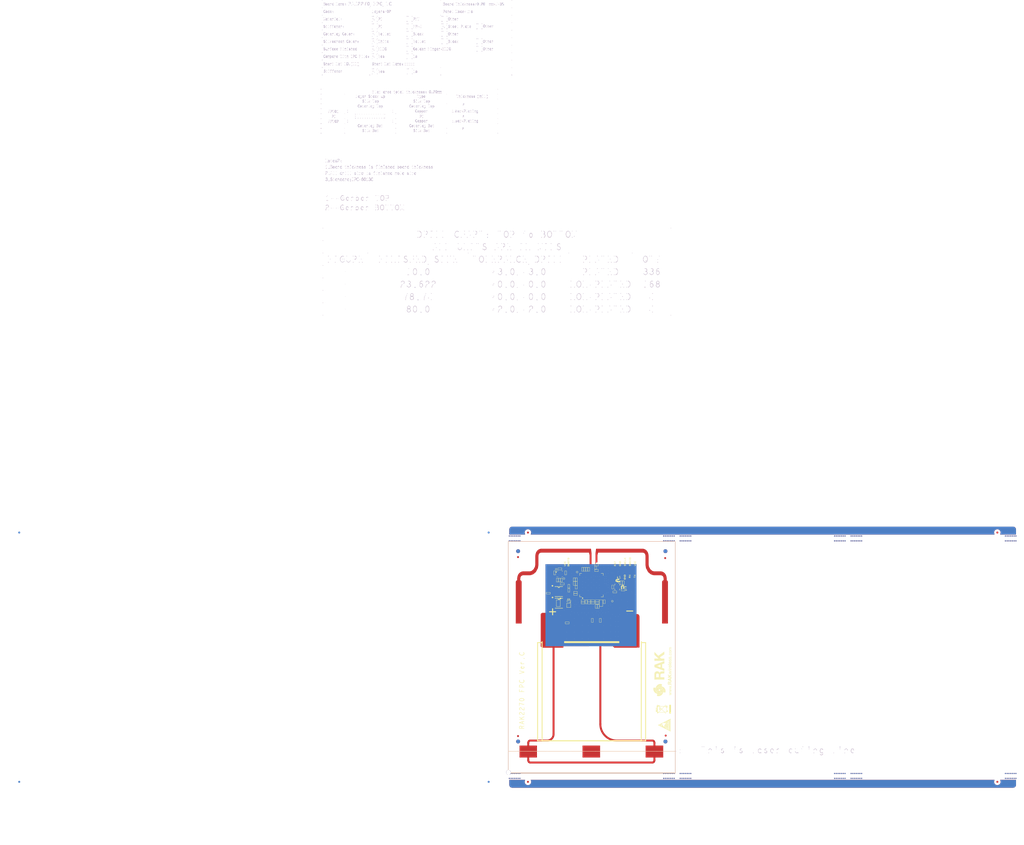
<source format=kicad_pcb>
(kicad_pcb (version 20240928) (generator "gerbview") (generator_version "9.0")
  (layers (0 F.Cu signal) (2 B.Cu signal) (1 F.Mask user) (3 B.Mask user) (5 F.SilkS user) (7 B.SilkS user) (13 F.Paste user) (15 B.Paste user) (25 Edge.Cuts user))
  (gr_line (start 0 0.26797) (end 84.99983 0.26797) (layer B.SilkS) (stroke (width 0.1524)))
  (gr_line (start 0 0.26797) (end 84.99983 0.26797) (layer B.SilkS) (stroke (width 0.1524)))
  (gr_line (start 0 -117.73179) (end 0 0.26797) (layer B.SilkS) (stroke (width 0.1524)))
  (gr_line (start 0 -10.78103) (end 84.99983 -10.78103) (layer B.SilkS) (stroke (width 0.1524)))
  (gr_line (start 84.99983 -117.73179) (end 0 -117.73179) (layer B.SilkS) (stroke (width 0.1524)))
  (gr_line (start 84.99983 -117.73179) (end 0 -117.73179) (layer B.SilkS) (stroke (width 0.1524)))
  (gr_line (start 84.99983 0.26797) (end 84.99983 -117.73179) (layer B.SilkS) (stroke (width 0.1524)))
  (gr_poly (pts (xy 24.66162 -102.11283) (xy 24.66156 -102.11875) (xy 24.66139 -102.12467) (xy 24.6611 -102.13059) (xy 24.6607 -102.1365) (xy 24.66018 -102.1424) (xy 24.65954 -102.14829) (xy 24.65879 -102.15416) (xy 24.65793 -102.16002) (xy 24.65695 -102.16586) (xy 24.65586 -102.17168) (xy 24.65465 -102.17748) (xy 24.65334 -102.18326) (xy 24.65191 -102.189) (xy 24.65036 -102.19472) (xy 24.64871 -102.20041) (xy 24.64695 -102.20606) (xy 24.64507 -102.21168) (xy 24.64309 -102.21726) (xy 24.641 -102.2228) (xy 24.6388 -102.2283) (xy 24.63649 -102.23376) (xy 24.63408 -102.23917) (xy 24.63156 -102.24453) (xy 24.62894 -102.24984) (xy 24.62621 -102.2551) (xy 24.62339 -102.2603) (xy 24.62046 -102.26545) (xy 24.61743 -102.27054) (xy 24.61431 -102.27557) (xy 24.61108 -102.28054) (xy 24.60776 -102.28544) (xy 24.60435 -102.29028) (xy 24.60084 -102.29505) (xy 24.59723 -102.29975) (xy 24.59354 -102.30438) (xy 24.58976 -102.30894) (xy 24.58589 -102.31342) (xy 24.58193 -102.31783) (xy 24.57789 -102.32216) (xy 24.57376 -102.32641) (xy 24.56955 -102.33058) (xy 24.56527 -102.33466) (xy 24.5609 -102.33866) (xy 24.55645 -102.34257) (xy 24.55193 -102.3464) (xy 24.54734 -102.35014) (xy 24.54267 -102.35379) (xy 24.53793 -102.35734) (xy 24.53313 -102.3608) (xy 24.52826 -102.36417) (xy 24.52332 -102.36745) (xy 24.51832 -102.37062) (xy 24.51326 -102.3737) (xy 24.50814 -102.37668) (xy 24.50297 -102.37955) (xy 24.49773 -102.38233) (xy 24.49245 -102.385) (xy 24.48711 -102.38757) (xy 24.48173 -102.39004) (xy 24.47629 -102.3924) (xy 24.47082 -102.39465) (xy 24.4653 -102.3968) (xy 24.45974 -102.39883) (xy 24.45414 -102.40076) (xy 24.4485 -102.40258) (xy 24.44283 -102.40429) (xy 24.43713 -102.40589) (xy 24.43139 -102.40738) (xy 24.42563 -102.40875) (xy 24.41985 -102.41001) (xy 24.41403 -102.41116) (xy 24.4082 -102.41219) (xy 24.40235 -102.41312) (xy 24.39648 -102.41392) (xy 24.3906 -102.41461) (xy 24.38471 -102.41519) (xy 24.3788 -102.41565) (xy 24.37289 -102.416) (xy 24.36697 -102.41623) (xy 24.36105 -102.41635) (xy 24.35513 -102.41635) (xy 24.34921 -102.41623) (xy 24.34329 -102.416) (xy 24.33738 -102.41565) (xy 24.33147 -102.41519) (xy 24.32558 -102.41461) (xy 24.3197 -102.41392) (xy 24.31383 -102.41312) (xy 24.30798 -102.41219) (xy 24.30215 -102.41116) (xy 24.29633 -102.41001) (xy 24.29055 -102.40875) (xy 24.28479 -102.40738) (xy 24.27905 -102.40589) (xy 24.27335 -102.40429) (xy 24.26768 -102.40258) (xy 24.26204 -102.40076) (xy 24.25644 -102.39883) (xy 24.25088 -102.3968) (xy 24.24536 -102.39465) (xy 24.23989 -102.3924) (xy 24.23445 -102.39004) (xy 24.22907 -102.38757) (xy 24.22373 -102.385) (xy 24.21845 -102.38233) (xy 24.21321 -102.37955) (xy 24.20804 -102.37668) (xy 24.20292 -102.3737) (xy 24.19786 -102.37062) (xy 24.19286 -102.36745) (xy 24.18792 -102.36417) (xy 24.18305 -102.3608) (xy 24.17825 -102.35734) (xy 24.17351 -102.35379) (xy 24.16884 -102.35014) (xy 24.16425 -102.3464) (xy 24.15973 -102.34257) (xy 24.15528 -102.33866) (xy 24.15091 -102.33466) (xy 24.14663 -102.33058) (xy 24.14242 -102.32641) (xy 24.13829 -102.32216) (xy 24.13425 -102.31783) (xy 24.13029 -102.31342) (xy 24.12642 -102.30894) (xy 24.12264 -102.30438) (xy 24.11895 -102.29975) (xy 24.11534 -102.29505) (xy 24.11183 -102.29028) (xy 24.10842 -102.28544) (xy 24.1051 -102.28054) (xy 24.10187 -102.27557) (xy 24.09875 -102.27054) (xy 24.09572 -102.26545) (xy 24.09279 -102.2603) (xy 24.08997 -102.2551) (xy 24.08724 -102.24984) (xy 24.08462 -102.24453) (xy 24.0821 -102.23917) (xy 24.07969 -102.23376) (xy 24.07738 -102.2283) (xy 24.07518 -102.2228) (xy 24.07309 -102.21726) (xy 24.07111 -102.21168) (xy 24.06923 -102.20606) (xy 24.06747 -102.20041) (xy 24.06582 -102.19472) (xy 24.06427 -102.189) (xy 24.06284 -102.18326) (xy 24.06153 -102.17748) (xy 24.06032 -102.17168) (xy 24.05923 -102.16586) (xy 24.05825 -102.16002) (xy 24.05739 -102.15416) (xy 24.05664 -102.14829) (xy 24.056 -102.1424) (xy 24.05548 -102.1365) (xy 24.05508 -102.13059) (xy 24.05479 -102.12467) (xy 24.05462 -102.11875) (xy 24.05456 -102.11283) (xy 24.05462 -102.10691) (xy 24.05479 -102.10099) (xy 24.05508 -102.09507) (xy 24.05548 -102.08916) (xy 24.056 -102.08326) (xy 24.05664 -102.07737) (xy 24.05739 -102.0715) (xy 24.05825 -102.06564) (xy 24.05923 -102.0598) (xy 24.06032 -102.05398) (xy 24.06153 -102.04818) (xy 24.06284 -102.0424) (xy 24.06427 -102.03666) (xy 24.06582 -102.03094) (xy 24.06747 -102.02525) (xy 24.06923 -102.0196) (xy 24.07111 -102.01398) (xy 24.07309 -102.0084) (xy 24.07518 -102.00286) (xy 24.07738 -101.99736) (xy 24.07969 -101.9919) (xy 24.0821 -101.98649) (xy 24.08462 -101.98113) (xy 24.08724 -101.97582) (xy 24.08997 -101.97056) (xy 24.09279 -101.96536) (xy 24.09572 -101.96021) (xy 24.09875 -101.95512) (xy 24.10187 -101.95009) (xy 24.1051 -101.94512) (xy 24.10842 -101.94022) (xy 24.11183 -101.93538) (xy 24.11534 -101.93061) (xy 24.11895 -101.92591) (xy 24.12264 -101.92128) (xy 24.12642 -101.91672) (xy 24.13029 -101.91224) (xy 24.13425 -101.90783) (xy 24.13829 -101.9035) (xy 24.14242 -101.89925) (xy 24.14663 -101.89508) (xy 24.15091 -101.891) (xy 24.15528 -101.887) (xy 24.15973 -101.88309) (xy 24.16425 -101.87926) (xy 24.16884 -101.87552) (xy 24.17351 -101.87187) (xy 24.17825 -101.86832) (xy 24.18305 -101.86486) (xy 24.18792 -101.86149) (xy 24.19286 -101.85821) (xy 24.19786 -101.85504) (xy 24.20292 -101.85196) (xy 24.20804 -101.84898) (xy 24.21321 -101.84611) (xy 24.21845 -101.84333) (xy 24.22373 -101.84066) (xy 24.22907 -101.83809) (xy 24.23445 -101.83562) (xy 24.23989 -101.83326) (xy 24.24536 -101.83101) (xy 24.25088 -101.82886) (xy 24.25644 -101.82683) (xy 24.26204 -101.8249) (xy 24.26768 -101.82308) (xy 24.27335 -101.82137) (xy 24.27905 -101.81977) (xy 24.28479 -101.81828) (xy 24.29055 -101.81691) (xy 24.29633 -101.81565) (xy 24.30215 -101.8145) (xy 24.30798 -101.81347) (xy 24.31383 -101.81254) (xy 24.3197 -101.81174) (xy 24.32558 -101.81105) (xy 24.33147 -101.81047) (xy 24.33738 -101.81001) (xy 24.34329 -101.80966) (xy 24.34921 -101.80943) (xy 24.35513 -101.80931) (xy 24.36105 -101.80931) (xy 24.36697 -101.80943) (xy 24.37289 -101.80966) (xy 24.3788 -101.81001) (xy 24.38471 -101.81047) (xy 24.3906 -101.81105) (xy 24.39648 -101.81174) (xy 24.40235 -101.81254) (xy 24.4082 -101.81347) (xy 24.41403 -101.8145) (xy 24.41985 -101.81565) (xy 24.42563 -101.81691) (xy 24.43139 -101.81828) (xy 24.43713 -101.81977) (xy 24.44283 -101.82137) (xy 24.4485 -101.82308) (xy 24.45414 -101.8249) (xy 24.45974 -101.82683) (xy 24.4653 -101.82886) (xy 24.47082 -101.83101) (xy 24.47629 -101.83326) (xy 24.48173 -101.83562) (xy 24.48711 -101.83809) (xy 24.49245 -101.84066) (xy 24.49773 -101.84333) (xy 24.50297 -101.84611) (xy 24.50814 -101.84898) (xy 24.51326 -101.85196) (xy 24.51832 -101.85504) (xy 24.52332 -101.85821) (xy 24.52826 -101.86149) (xy 24.53313 -101.86486) (xy 24.53793 -101.86832) (xy 24.54267 -101.87187) (xy 24.54734 -101.87552) (xy 24.55193 -101.87926) (xy 24.55645 -101.88309) (xy 24.5609 -101.887) (xy 24.56527 -101.891) (xy 24.56955 -101.89508) (xy 24.57376 -101.89925) (xy 24.57789 -101.9035) (xy 24.58193 -101.90783) (xy 24.58589 -101.91224) (xy 24.58976 -101.91672) (xy 24.59354 -101.92128) (xy 24.59723 -101.92591) (xy 24.60084 -101.93061) (xy 24.60435 -101.93538) (xy 24.60776 -101.94022) (xy 24.61108 -101.94512) (xy 24.61431 -101.95009) (xy 24.61743 -101.95512) (xy 24.62046 -101.96021) (xy 24.62339 -101.96536) (xy 24.62621 -101.97056) (xy 24.62894 -101.97582) (xy 24.63156 -101.98113) (xy 24.63408 -101.98649) (xy 24.63649 -101.9919) (xy 24.6388 -101.99736) (xy 24.641 -102.00286) (xy 24.64309 -102.0084) (xy 24.64507 -102.01398) (xy 24.64695 -102.0196) (xy 24.64871 -102.02525) (xy 24.65036 -102.03094) (xy 24.65191 -102.03666) (xy 24.65334 -102.0424) (xy 24.65465 -102.04818) (xy 24.65586 -102.05398) (xy 24.65695 -102.0598) (xy 24.65793 -102.06564) (xy 24.65879 -102.0715) (xy 24.65954 -102.07737) (xy 24.66018 -102.08326) (xy 24.6607 -102.08916) (xy 24.6611 -102.09507) (xy 24.66139 -102.10099) (xy 24.66156 -102.10691)) (fill yes) (layer F.SilkS))
  (gr_poly (pts (xy 31.75762 -86.68995) (xy 31.75757 -86.6946) (xy 31.75743 -86.69925) (xy 31.75718 -86.70389) (xy 31.75685 -86.70853) (xy 31.75641 -86.71316) (xy 31.75588 -86.71778) (xy 31.75525 -86.72239) (xy 31.75453 -86.72698) (xy 31.75371 -86.73156) (xy 31.7528 -86.73612) (xy 31.75179 -86.74066) (xy 31.75069 -86.74518) (xy 31.74949 -86.74967) (xy 31.74821 -86.75414) (xy 31.74682 -86.75858) (xy 31.74535 -86.76299) (xy 31.74378 -86.76737) (xy 31.74213 -86.77171) (xy 31.74038 -86.77602) (xy 31.73855 -86.7803) (xy 31.73662 -86.78453) (xy 31.73461 -86.78872) (xy 31.73251 -86.79287) (xy 31.73033 -86.79698) (xy 31.72806 -86.80104) (xy 31.72571 -86.80505) (xy 31.72327 -86.80901) (xy 31.72075 -86.81292) (xy 31.71815 -86.81678) (xy 31.71548 -86.82058) (xy 31.71272 -86.82432) (xy 31.70989 -86.82801) (xy 31.70698 -86.83164) (xy 31.70399 -86.8352) (xy 31.70093 -86.83871) (xy 31.6978 -86.84214) (xy 31.6946 -86.84552) (xy 31.69133 -86.84882) (xy 31.68799 -86.85206) (xy 31.68458 -86.85523) (xy 31.68111 -86.85832) (xy 31.67758 -86.86134) (xy 31.67398 -86.86429) (xy 31.67032 -86.86716) (xy 31.66661 -86.86996) (xy 31.66283 -86.87268) (xy 31.65901 -86.87531) (xy 31.65512 -86.87787) (xy 31.65119 -86.88035) (xy 31.6472 -86.88274) (xy 31.64316 -86.88506) (xy 31.63908 -86.88728) (xy 31.63495 -86.88942) (xy 31.63078 -86.89148) (xy 31.62657 -86.89345) (xy 31.62232 -86.89533) (xy 31.61802 -86.89712) (xy 31.6137 -86.89882) (xy 31.60933 -86.90043) (xy 31.60494 -86.90195) (xy 31.60051 -86.90338) (xy 31.59606 -86.90471) (xy 31.59158 -86.90595) (xy 31.58707 -86.9071) (xy 31.58254 -86.90816) (xy 31.57799 -86.90912) (xy 31.57342 -86.90998) (xy 31.56884 -86.91075) (xy 31.56424 -86.91143) (xy 31.55962 -86.91201) (xy 31.555 -86.91249) (xy 31.55036 -86.91288) (xy 31.54572 -86.91317) (xy 31.54107 -86.91336) (xy 31.53643 -86.91346) (xy 31.53177 -86.91346) (xy 31.52713 -86.91336) (xy 31.52248 -86.91317) (xy 31.51784 -86.91288) (xy 31.5132 -86.91249) (xy 31.50858 -86.91201) (xy 31.50396 -86.91143) (xy 31.49936 -86.91075) (xy 31.49478 -86.90998) (xy 31.49021 -86.90912) (xy 31.48566 -86.90816) (xy 31.48113 -86.9071) (xy 31.47662 -86.90595) (xy 31.47214 -86.90471) (xy 31.46769 -86.90338) (xy 31.46326 -86.90195) (xy 31.45887 -86.90043) (xy 31.4545 -86.89882) (xy 31.45018 -86.89712) (xy 31.44588 -86.89533) (xy 31.44163 -86.89345) (xy 31.43742 -86.89148) (xy 31.43325 -86.88942) (xy 31.42912 -86.88728) (xy 31.42504 -86.88506) (xy 31.421 -86.88274) (xy 31.41701 -86.88035) (xy 31.41308 -86.87787) (xy 31.40919 -86.87531) (xy 31.40537 -86.87268) (xy 31.40159 -86.86996) (xy 31.39788 -86.86716) (xy 31.39422 -86.86429) (xy 31.39062 -86.86134) (xy 31.38709 -86.85832) (xy 31.38362 -86.85523) (xy 31.38021 -86.85206) (xy 31.37687 -86.84882) (xy 31.3736 -86.84552) (xy 31.3704 -86.84214) (xy 31.36727 -86.83871) (xy 31.36421 -86.8352) (xy 31.36122 -86.83164) (xy 31.35831 -86.82801) (xy 31.35548 -86.82432) (xy 31.35272 -86.82058) (xy 31.35005 -86.81678) (xy 31.34745 -86.81292) (xy 31.34493 -86.80901) (xy 31.34249 -86.80505) (xy 31.34014 -86.80104) (xy 31.33787 -86.79698) (xy 31.33569 -86.79287) (xy 31.33359 -86.78872) (xy 31.33158 -86.78453) (xy 31.32965 -86.7803) (xy 31.32782 -86.77602) (xy 31.32607 -86.77171) (xy 31.32442 -86.76737) (xy 31.32285 -86.76299) (xy 31.32138 -86.75858) (xy 31.31999 -86.75414) (xy 31.31871 -86.74967) (xy 31.31751 -86.74518) (xy 31.31641 -86.74066) (xy 31.3154 -86.73612) (xy 31.31449 -86.73156) (xy 31.31367 -86.72698) (xy 31.31295 -86.72239) (xy 31.31232 -86.71778) (xy 31.31179 -86.71316) (xy 31.31135 -86.70853) (xy 31.31102 -86.70389) (xy 31.31077 -86.69925) (xy 31.31063 -86.6946) (xy 31.31058 -86.68995) (xy 31.31063 -86.6853) (xy 31.31077 -86.68065) (xy 31.31102 -86.67601) (xy 31.31135 -86.67137) (xy 31.31179 -86.66674) (xy 31.31232 -86.66212) (xy 31.31295 -86.65751) (xy 31.31367 -86.65292) (xy 31.31449 -86.64834) (xy 31.3154 -86.64378) (xy 31.31641 -86.63924) (xy 31.31751 -86.63472) (xy 31.31871 -86.63023) (xy 31.31999 -86.62576) (xy 31.32138 -86.62132) (xy 31.32285 -86.61691) (xy 31.32442 -86.61253) (xy 31.32607 -86.60819) (xy 31.32782 -86.60388) (xy 31.32965 -86.5996) (xy 31.33158 -86.59537) (xy 31.33359 -86.59118) (xy 31.33569 -86.58703) (xy 31.33787 -86.58292) (xy 31.34014 -86.57886) (xy 31.34249 -86.57485) (xy 31.34493 -86.57089) (xy 31.34745 -86.56698) (xy 31.35005 -86.56312) (xy 31.35272 -86.55932) (xy 31.35548 -86.55558) (xy 31.35831 -86.55189) (xy 31.36122 -86.54826) (xy 31.36421 -86.5447) (xy 31.36727 -86.54119) (xy 31.3704 -86.53776) (xy 31.3736 -86.53438) (xy 31.37687 -86.53108) (xy 31.38021 -86.52784) (xy 31.38362 -86.52467) (xy 31.38709 -86.52158) (xy 31.39062 -86.51856) (xy 31.39422 -86.51561) (xy 31.39788 -86.51274) (xy 31.40159 -86.50994) (xy 31.40537 -86.50722) (xy 31.40919 -86.50459) (xy 31.41308 -86.50203) (xy 31.41701 -86.49955) (xy 31.421 -86.49716) (xy 31.42504 -86.49484) (xy 31.42912 -86.49262) (xy 31.43325 -86.49048) (xy 31.43742 -86.48842) (xy 31.44163 -86.48645) (xy 31.44588 -86.48457) (xy 31.45018 -86.48278) (xy 31.4545 -86.48108) (xy 31.45887 -86.47947) (xy 31.46326 -86.47795) (xy 31.46769 -86.47652) (xy 31.47214 -86.47519) (xy 31.47662 -86.47395) (xy 31.48113 -86.4728) (xy 31.48566 -86.47174) (xy 31.49021 -86.47078) (xy 31.49478 -86.46992) (xy 31.49936 -86.46915) (xy 31.50396 -86.46847) (xy 31.50858 -86.46789) (xy 31.5132 -86.46741) (xy 31.51784 -86.46702) (xy 31.52248 -86.46673) (xy 31.52713 -86.46654) (xy 31.53177 -86.46644) (xy 31.53643 -86.46644) (xy 31.54107 -86.46654) (xy 31.54572 -86.46673) (xy 31.55036 -86.46702) (xy 31.555 -86.46741) (xy 31.55962 -86.46789) (xy 31.56424 -86.46847) (xy 31.56884 -86.46915) (xy 31.57342 -86.46992) (xy 31.57799 -86.47078) (xy 31.58254 -86.47174) (xy 31.58707 -86.4728) (xy 31.59158 -86.47395) (xy 31.59606 -86.47519) (xy 31.60051 -86.47652) (xy 31.60494 -86.47795) (xy 31.60933 -86.47947) (xy 31.6137 -86.48108) (xy 31.61802 -86.48278) (xy 31.62232 -86.48457) (xy 31.62657 -86.48645) (xy 31.63078 -86.48842) (xy 31.63495 -86.49048) (xy 31.63908 -86.49262) (xy 31.64316 -86.49484) (xy 31.6472 -86.49716) (xy 31.65119 -86.49955) (xy 31.65512 -86.50203) (xy 31.65901 -86.50459) (xy 31.66283 -86.50722) (xy 31.66661 -86.50994) (xy 31.67032 -86.51274) (xy 31.67398 -86.51561) (xy 31.67758 -86.51856) (xy 31.68111 -86.52158) (xy 31.68458 -86.52467) (xy 31.68799 -86.52784) (xy 31.69133 -86.53108) (xy 31.6946 -86.53438) (xy 31.6978 -86.53776) (xy 31.70093 -86.54119) (xy 31.70399 -86.5447) (xy 31.70698 -86.54826) (xy 31.70989 -86.55189) (xy 31.71272 -86.55558) (xy 31.71548 -86.55932) (xy 31.71815 -86.56312) (xy 31.72075 -86.56698) (xy 31.72327 -86.57089) (xy 31.72571 -86.57485) (xy 31.72806 -86.57886) (xy 31.73033 -86.58292) (xy 31.73251 -86.58703) (xy 31.73461 -86.59118) (xy 31.73662 -86.59537) (xy 31.73855 -86.5996) (xy 31.74038 -86.60388) (xy 31.74213 -86.60819) (xy 31.74378 -86.61253) (xy 31.74535 -86.61691) (xy 31.74682 -86.62132) (xy 31.74821 -86.62576) (xy 31.74949 -86.63023) (xy 31.75069 -86.63472) (xy 31.75179 -86.63924) (xy 31.7528 -86.64378) (xy 31.75371 -86.64834) (xy 31.75453 -86.65292) (xy 31.75525 -86.65751) (xy 31.75588 -86.66212) (xy 31.75641 -86.66674) (xy 31.75685 -86.67137) (xy 31.75718 -86.67601) (xy 31.75743 -86.68065) (xy 31.75757 -86.6853)) (fill yes) (layer F.SilkS))
  (gr_poly (pts (xy 38.12743 -88.82888) (xy 38.12736 -88.8353) (xy 38.12717 -88.84173) (xy 38.12684 -88.84814) (xy 38.12639 -88.85455) (xy 38.1258 -88.86095) (xy 38.12508 -88.86734) (xy 38.12423 -88.8737) (xy 38.12326 -88.88005) (xy 38.12215 -88.88638) (xy 38.12092 -88.89269) (xy 38.11956 -88.89897) (xy 38.11807 -88.90522) (xy 38.11645 -88.91144) (xy 38.11471 -88.91762) (xy 38.11285 -88.92377) (xy 38.11085 -88.92988) (xy 38.10874 -88.93594) (xy 38.1065 -88.94197) (xy 38.10414 -88.94794) (xy 38.10166 -88.95387) (xy 38.09906 -88.95974) (xy 38.09634 -88.96556) (xy 38.0935 -88.97133) (xy 38.09054 -88.97703) (xy 38.08747 -88.98268) (xy 38.08429 -88.98826) (xy 38.08099 -88.99377) (xy 38.07758 -88.99922) (xy 38.07407 -89.0046) (xy 38.07044 -89.0099) (xy 38.06671 -89.01513) (xy 38.06287 -89.02028) (xy 38.05892 -89.02535) (xy 38.05488 -89.03034) (xy 38.05073 -89.03525) (xy 38.04648 -89.04007) (xy 38.04214 -89.04481) (xy 38.0377 -89.04945) (xy 38.03317 -89.05401) (xy 38.02855 -89.05847) (xy 38.02384 -89.06284) (xy 38.01903 -89.06711) (xy 38.01415 -89.07128) (xy 38.00918 -89.07535) (xy 38.00412 -89.07932) (xy 37.99899 -89.08318) (xy 37.99378 -89.08695) (xy 37.9885 -89.0906) (xy 37.98314 -89.09415) (xy 37.97771 -89.09758) (xy 37.97221 -89.10091) (xy 37.96665 -89.10412) (xy 37.96102 -89.10722) (xy 37.95533 -89.1102) (xy 37.94958 -89.11307) (xy 37.94377 -89.11582) (xy 37.93791 -89.11845) (xy 37.932 -89.12096) (xy 37.92604 -89.12335) (xy 37.92002 -89.12562) (xy 37.91397 -89.12777) (xy 37.90787 -89.12979) (xy 37.90173 -89.13169) (xy 37.89556 -89.13346) (xy 37.88935 -89.13511) (xy 37.8831 -89.13663) (xy 37.87683 -89.13802) (xy 37.87053 -89.13929) (xy 37.86421 -89.14042) (xy 37.85786 -89.14143) (xy 37.8515 -89.14231) (xy 37.84512 -89.14306) (xy 37.83872 -89.14368) (xy 37.83232 -89.14417) (xy 37.8259 -89.14453) (xy 37.81948 -89.14476) (xy 37.81306 -89.14486) (xy 37.80663 -89.14482) (xy 37.80021 -89.14466) (xy 37.79379 -89.14437) (xy 37.78738 -89.14394) (xy 37.78098 -89.14339) (xy 37.77459 -89.1427) (xy 37.76822 -89.14189) (xy 37.76186 -89.14094) (xy 37.75553 -89.13987) (xy 37.74921 -89.13867) (xy 37.74293 -89.13734) (xy 37.73667 -89.13588) (xy 37.73044 -89.1343) (xy 37.72425 -89.13259) (xy 37.71809 -89.13075) (xy 37.71198 -89.12879) (xy 37.7059 -89.12671) (xy 37.69986 -89.1245) (xy 37.69388 -89.12217) (xy 37.68794 -89.11972) (xy 37.68205 -89.11715) (xy 37.67622 -89.11446) (xy 37.67044 -89.11165) (xy 37.66472 -89.10872) (xy 37.65906 -89.10568) (xy 37.65346 -89.10253) (xy 37.64793 -89.09926) (xy 37.64247 -89.09588) (xy 37.63707 -89.09239) (xy 37.63175 -89.08879) (xy 37.6265 -89.08508) (xy 37.62133 -89.08127) (xy 37.61624 -89.07735) (xy 37.61123 -89.07333) (xy 37.6063 -89.06921) (xy 37.60145 -89.06498) (xy 37.5967 -89.06067) (xy 37.59203 -89.05625) (xy 37.58745 -89.05174) (xy 37.58297 -89.04714) (xy 37.57858 -89.04245) (xy 37.57428 -89.03767) (xy 37.57008 -89.03281) (xy 37.56599 -89.02786) (xy 37.56199 -89.02283) (xy 37.5581 -89.01771) (xy 37.55431 -89.01252) (xy 37.55063 -89.00726) (xy 37.54706 -89.00192) (xy 37.5436 -88.99651) (xy 37.54024 -88.99102) (xy 37.537 -88.98548) (xy 37.53388 -88.97986) (xy 37.53086 -88.97419) (xy 37.52797 -88.96845) (xy 37.52519 -88.96266) (xy 37.52253 -88.95681) (xy 37.51999 -88.95091) (xy 37.51756 -88.94496) (xy 37.51527 -88.93896) (xy 37.51309 -88.93292) (xy 37.51103 -88.92683) (xy 37.50911 -88.9207) (xy 37.5073 -88.91453) (xy 37.50562 -88.90833) (xy 37.50407 -88.9021) (xy 37.50264 -88.89583) (xy 37.50135 -88.88954) (xy 37.50018 -88.88322) (xy 37.49914 -88.87688) (xy 37.49823 -88.87052) (xy 37.49744 -88.86414) (xy 37.49679 -88.85775) (xy 37.49627 -88.85135) (xy 37.49588 -88.84494) (xy 37.49562 -88.83852) (xy 37.49549 -88.83209) (xy 37.49549 -88.82567) (xy 37.49562 -88.81924) (xy 37.49588 -88.81282) (xy 37.49627 -88.80641) (xy 37.49679 -88.80001) (xy 37.49744 -88.79362) (xy 37.49823 -88.78724) (xy 37.49914 -88.78088) (xy 37.50018 -88.77454) (xy 37.50135 -88.76822) (xy 37.50264 -88.76193) (xy 37.50407 -88.75566) (xy 37.50562 -88.74943) (xy 37.5073 -88.74323) (xy 37.50911 -88.73706) (xy 37.51103 -88.73093) (xy 37.51309 -88.72484) (xy 37.51527 -88.7188) (xy 37.51756 -88.7128) (xy 37.51999 -88.70685) (xy 37.52253 -88.70095) (xy 37.52519 -88.6951) (xy 37.52797 -88.68931) (xy 37.53086 -88.68357) (xy 37.53388 -88.6779) (xy 37.537 -88.67228) (xy 37.54024 -88.66674) (xy 37.5436 -88.66125) (xy 37.54706 -88.65584) (xy 37.55063 -88.6505) (xy 37.55431 -88.64524) (xy 37.5581 -88.64005) (xy 37.56199 -88.63493) (xy 37.56599 -88.6299) (xy 37.57008 -88.62495) (xy 37.57428 -88.62009) (xy 37.57858 -88.61531) (xy 37.58297 -88.61062) (xy 37.58745 -88.60602) (xy 37.59203 -88.60151) (xy 37.5967 -88.59709) (xy 37.60145 -88.59278) (xy 37.6063 -88.58855) (xy 37.61123 -88.58443) (xy 37.61624 -88.58041) (xy 37.62133 -88.57649) (xy 37.6265 -88.57268) (xy 37.63175 -88.56897) (xy 37.63707 -88.56537) (xy 37.64247 -88.56188) (xy 37.64793 -88.5585) (xy 37.65346 -88.55523) (xy 37.65906 -88.55208) (xy 37.66472 -88.54904) (xy 37.67044 -88.54611) (xy 37.67622 -88.5433) (xy 37.68205 -88.54061) (xy 37.68794 -88.53804) (xy 37.69388 -88.53559) (xy 37.69986 -88.53326) (xy 37.7059 -88.53105) (xy 37.71198 -88.52897) (xy 37.71809 -88.52701) (xy 37.72425 -88.52517) (xy 37.73044 -88.52346) (xy 37.73667 -88.52188) (xy 37.74293 -88.52042) (xy 37.74921 -88.51909) (xy 37.75553 -88.51789) (xy 37.76186 -88.51682) (xy 37.76822 -88.51587) (xy 37.77459 -88.51506) (xy 37.78098 -88.51437) (xy 37.78738 -88.51382) (xy 37.79379 -88.51339) (xy 37.80021 -88.5131) (xy 37.80663 -88.51294) (xy 37.81306 -88.5129) (xy 37.81948 -88.513) (xy 37.8259 -88.51323) (xy 37.83232 -88.51359) (xy 37.83872 -88.51408) (xy 37.84512 -88.5147) (xy 37.8515 -88.51545) (xy 37.85786 -88.51633) (xy 37.86421 -88.51734) (xy 37.87053 -88.51847) (xy 37.87683 -88.51974) (xy 37.8831 -88.52113) (xy 37.88935 -88.52265) (xy 37.89556 -88.5243) (xy 37.90173 -88.52607) (xy 37.90787 -88.52797) (xy 37.91397 -88.52999) (xy 37.92002 -88.53214) (xy 37.92604 -88.53441) (xy 37.932 -88.5368) (xy 37.93791 -88.53931) (xy 37.94377 -88.54194) (xy 37.94958 -88.54469) (xy 37.95533 -88.54756) (xy 37.96102 -88.55054) (xy 37.96665 -88.55364) (xy 37.97221 -88.55685) (xy 37.97771 -88.56018) (xy 37.98314 -88.56361) (xy 37.9885 -88.56716) (xy 37.99378 -88.57081) (xy 37.99899 -88.57458) (xy 38.00412 -88.57844) (xy 38.00918 -88.58241) (xy 38.01415 -88.58648) (xy 38.01903 -88.59065) (xy 38.02384 -88.59492) (xy 38.02855 -88.59929) (xy 38.03317 -88.60375) (xy 38.0377 -88.60831) (xy 38.04214 -88.61295) (xy 38.04648 -88.61769) (xy 38.05073 -88.62251) (xy 38.05488 -88.62742) (xy 38.05892 -88.63241) (xy 38.06287 -88.63748) (xy 38.06671 -88.64263) (xy 38.07044 -88.64786) (xy 38.07407 -88.65316) (xy 38.07758 -88.65854) (xy 38.08099 -88.66399) (xy 38.08429 -88.6695) (xy 38.08747 -88.67508) (xy 38.09054 -88.68073) (xy 38.0935 -88.68643) (xy 38.09634 -88.6922) (xy 38.09906 -88.69802) (xy 38.10166 -88.70389) (xy 38.10414 -88.70982) (xy 38.1065 -88.71579) (xy 38.10874 -88.72182) (xy 38.11085 -88.72788) (xy 38.11285 -88.73399) (xy 38.11471 -88.74014) (xy 38.11645 -88.74632) (xy 38.11807 -88.75254) (xy 38.11956 -88.75879) (xy 38.12092 -88.76507) (xy 38.12215 -88.77138) (xy 38.12326 -88.77771) (xy 38.12423 -88.78406) (xy 38.12508 -88.79042) (xy 38.1258 -88.79681) (xy 38.12639 -88.80321) (xy 38.12684 -88.80962) (xy 38.12717 -88.81603) (xy 38.12736 -88.82246)) (fill yes) (layer F.SilkS))
  (gr_poly (pts (xy 58.29198 -95.32823) (xy 58.21401 -95.4471) (xy 58.12892 -95.56115) (xy 58.12003 -95.57029) (xy 58.10809 -95.57918) (xy 58.09386 -95.5863) (xy 58.08193 -95.59112) (xy 58.06796 -95.5962) (xy 58.05399 -95.59823) (xy 58.039 -95.59823) (xy 57.97601 -95.57715) (xy 57.95112 -95.56521) (xy 57.92902 -95.55226) (xy 57.90895 -95.53727) (xy 57.88685 -95.51924) (xy 57.86907 -95.50121) (xy 57.85206 -95.48114) (xy 57.83605 -95.4593) (xy 57.82107 -95.4372) (xy 57.71109 -95.24619) (xy 57.62092 -95.04934) (xy 57.547 -94.84614) (xy 57.4929 -94.64015) (xy 57.45607 -94.42831) (xy 57.43905 -94.21622) (xy 57.44108 -94.00311) (xy 57.45988 -93.78823) (xy 57.50001 -93.57614) (xy 57.55894 -93.36811) (xy 57.98312 -93.37523) (xy 57.93105 -93.57309) (xy 57.90006 -93.7702) (xy 57.88609 -93.97111) (xy 57.8899 -94.16923) (xy 57.91505 -94.36913) (xy 57.95696 -94.56318) (xy 58.01512 -94.75521) (xy 58.09005 -94.94012) (xy 58.18505 -95.12021)) (fill yes) (layer F.SilkS))
  (gr_poly (pts (xy 54.62905 -97.61626) (xy 54.62905 -97.63125) (xy 54.63108 -97.64522) (xy 54.63591 -97.65919) (xy 54.64099 -97.67113) (xy 54.6481 -97.6851) (xy 54.65699 -97.69729) (xy 54.66588 -97.70618) (xy 54.77993 -97.79127) (xy 54.89905 -97.86925) (xy 55.023 -97.93834) (xy 55.15102 -97.99422) (xy 55.28208 -98.04629) (xy 55.41696 -98.08515) (xy 55.55386 -98.11614) (xy 55.69509 -98.13925) (xy 55.83809 -98.15017) (xy 55.98211 -98.15424) (xy 55.98592 -97.94215) (xy 56.79491 -98.40722) (xy 55.96611 -98.86721) (xy 55.96992 -98.65512) (xy 55.81904 -98.65614) (xy 55.66689 -98.64522) (xy 55.52008 -98.6221) (xy 55.37708 -98.58629) (xy 55.23789 -98.5393) (xy 55.10098 -98.48215) (xy 54.96992 -98.41027) (xy 54.84901 -98.32924) (xy 54.72989 -98.23628) (xy 54.61991 -98.13417)) (fill yes) (layer F.SilkS))
  (gr_poly (pts (xy 56.39003 -99.00107) (xy 56.72201 -99.00107) (xy 57.18708 -98.71126) (xy 57.18708 -98.88931) (xy 56.85485 -99.09023) (xy 57.18708 -99.27819) (xy 57.18708 -99.45522) (xy 56.72201 -99.15627) (xy 56.39003 -99.15627)) (fill yes) (layer F.SilkS))
  (gr_poly (pts (xy 54.89905 -97.86925) (xy 54.77993 -97.79127) (xy 54.66588 -97.70618) (xy 54.65699 -97.69729) (xy 54.6481 -97.6851) (xy 54.64099 -97.67113) (xy 54.63591 -97.65919) (xy 54.63108 -97.64522) (xy 54.62905 -97.63125) (xy 54.62905 -97.61626) (xy 54.64988 -97.55327) (xy 54.66207 -97.52813) (xy 54.67502 -97.50628) (xy 54.69001 -97.48622) (xy 54.70804 -97.46412) (xy 54.72608 -97.44608) (xy 54.74589 -97.42932) (xy 54.76799 -97.41306) (xy 54.79009 -97.39833) (xy 54.98109 -97.2881) (xy 55.17794 -97.19818) (xy 55.38089 -97.12427) (xy 55.58688 -97.07016) (xy 55.79897 -97.03308) (xy 56.01106 -97.01632) (xy 56.22392 -97.01809) (xy 56.43905 -97.03714) (xy 56.65089 -97.07728) (xy 56.85892 -97.1362) (xy 56.85206 -97.56013) (xy 56.65394 -97.50831) (xy 56.45709 -97.47707) (xy 56.25592 -97.4631) (xy 56.05805 -97.46717) (xy 55.8579 -97.49231) (xy 55.6641 -97.53422) (xy 55.47208 -97.59213) (xy 55.28691 -97.66706) (xy 55.10708 -97.76231)) (fill yes) (layer F.SilkS))
  (gr_poly (pts (xy 56.48096 -96.44532) (xy 56.48092 -96.4491) (xy 56.48082 -96.45288) (xy 56.48064 -96.45666) (xy 56.48039 -96.46044) (xy 56.48007 -96.46421) (xy 56.47967 -96.46797) (xy 56.47921 -96.47172) (xy 56.47867 -96.47547) (xy 56.47807 -96.4792) (xy 56.47739 -96.48293) (xy 56.47664 -96.48663) (xy 56.47583 -96.49033) (xy 56.47494 -96.49401) (xy 56.47398 -96.49767) (xy 56.47296 -96.50131) (xy 56.47187 -96.50493) (xy 56.4707 -96.50853) (xy 56.46947 -96.51211) (xy 56.46818 -96.51566) (xy 56.46681 -96.51919) (xy 56.46538 -96.52269) (xy 56.46388 -96.52617) (xy 56.46232 -96.52961) (xy 56.46069 -96.53303) (xy 56.459 -96.53641) (xy 56.45724 -96.53976) (xy 56.45543 -96.54308) (xy 56.45354 -96.54636) (xy 56.4516 -96.54961) (xy 56.4496 -96.55281) (xy 56.44753 -96.55598) (xy 56.44541 -96.55912) (xy 56.44323 -96.56221) (xy 56.44099 -96.56525) (xy 56.43869 -96.56826) (xy 56.43633 -96.57122) (xy 56.43392 -96.57413) (xy 56.43146 -96.577) (xy 56.42894 -96.57983) (xy 56.42637 -96.5826) (xy 56.42374 -96.58533) (xy 56.42107 -96.588) (xy 56.41834 -96.59063) (xy 56.41557 -96.5932) (xy 56.41274 -96.59572) (xy 56.40987 -96.59818) (xy 56.40696 -96.60059) (xy 56.404 -96.60295) (xy 56.40099 -96.60525) (xy 56.39795 -96.60749) (xy 56.39486 -96.60967) (xy 56.39172 -96.61179) (xy 56.38855 -96.61386) (xy 56.38535 -96.61586) (xy 56.3821 -96.6178) (xy 56.37882 -96.61969) (xy 56.3755 -96.6215) (xy 56.37215 -96.62326) (xy 56.36877 -96.62495) (xy 56.36535 -96.62658) (xy 56.36191 -96.62814) (xy 56.35843 -96.62964) (xy 56.35493 -96.63107) (xy 56.3514 -96.63244) (xy 56.34785 -96.63373) (xy 56.34427 -96.63496) (xy 56.34067 -96.63613) (xy 56.33705 -96.63722) (xy 56.33341 -96.63824) (xy 56.32975 -96.6392) (xy 56.32607 -96.64009) (xy 56.32237 -96.6409) (xy 56.31867 -96.64165) (xy 56.31494 -96.64233) (xy 56.31121 -96.64293) (xy 56.30746 -96.64347) (xy 56.30371 -96.64393) (xy 56.29995 -96.64433) (xy 56.29618 -96.64465) (xy 56.2924 -96.6449) (xy 56.28862 -96.64508) (xy 56.28484 -96.64518) (xy 56.28106 -96.64522) (xy 56.27728 -96.64518) (xy 56.2735 -96.64508) (xy 56.26972 -96.6449) (xy 56.26594 -96.64465) (xy 56.26217 -96.64433) (xy 56.25841 -96.64393) (xy 56.25466 -96.64347) (xy 56.25091 -96.64293) (xy 56.24718 -96.64233) (xy 56.24345 -96.64165) (xy 56.23975 -96.6409) (xy 56.23605 -96.64009) (xy 56.23237 -96.6392) (xy 56.22871 -96.63824) (xy 56.22507 -96.63722) (xy 56.22145 -96.63613) (xy 56.21785 -96.63496) (xy 56.21427 -96.63373) (xy 56.21072 -96.63244) (xy 56.20719 -96.63107) (xy 56.20369 -96.62964) (xy 56.20021 -96.62814) (xy 56.19677 -96.62658) (xy 56.19335 -96.62495) (xy 56.18997 -96.62326) (xy 56.18662 -96.6215) (xy 56.1833 -96.61969) (xy 56.18002 -96.6178) (xy 56.17677 -96.61586) (xy 56.17357 -96.61386) (xy 56.1704 -96.61179) (xy 56.16726 -96.60967) (xy 56.16417 -96.60749) (xy 56.16113 -96.60525) (xy 56.15812 -96.60295) (xy 56.15516 -96.60059) (xy 56.15225 -96.59818) (xy 56.14938 -96.59572) (xy 56.14655 -96.5932) (xy 56.14378 -96.59063) (xy 56.14105 -96.588) (xy 56.13838 -96.58533) (xy 56.13575 -96.5826) (xy 56.13318 -96.57983) (xy 56.13066 -96.577) (xy 56.1282 -96.57413) (xy 56.12579 -96.57122) (xy 56.12343 -96.56826) (xy 56.12113 -96.56525) (xy 56.11889 -96.56221) (xy 56.11671 -96.55912) (xy 56.11459 -96.55598) (xy 56.11252 -96.55281) (xy 56.11052 -96.54961) (xy 56.10858 -96.54636) (xy 56.10669 -96.54308) (xy 56.10488 -96.53976) (xy 56.10312 -96.53641) (xy 56.10143 -96.53303) (xy 56.0998 -96.52961) (xy 56.09824 -96.52617) (xy 56.09674 -96.52269) (xy 56.09531 -96.51919) (xy 56.09394 -96.51566) (xy 56.09265 -96.51211) (xy 56.09142 -96.50853) (xy 56.09025 -96.50493) (xy 56.08916 -96.50131) (xy 56.08814 -96.49767) (xy 56.08718 -96.49401) (xy 56.08629 -96.49033) (xy 56.08548 -96.48663) (xy 56.08473 -96.48293) (xy 56.08405 -96.4792) (xy 56.08345 -96.47547) (xy 56.08291 -96.47172) (xy 56.08245 -96.46797) (xy 56.08205 -96.46421) (xy 56.08173 -96.46044) (xy 56.08148 -96.45666) (xy 56.0813 -96.45288) (xy 56.0812 -96.4491) (xy 56.08116 -96.44532) (xy 56.0812 -96.44154) (xy 56.0813 -96.43776) (xy 56.08148 -96.43398) (xy 56.08173 -96.4302) (xy 56.08205 -96.42643) (xy 56.08245 -96.42267) (xy 56.08291 -96.41892) (xy 56.08345 -96.41517) (xy 56.08405 -96.41144) (xy 56.08473 -96.40771) (xy 56.08548 -96.40401) (xy 56.08629 -96.40031) (xy 56.08718 -96.39663) (xy 56.08814 -96.39297) (xy 56.08916 -96.38933) (xy 56.09025 -96.38571) (xy 56.09142 -96.38211) (xy 56.09265 -96.37853) (xy 56.09394 -96.37498) (xy 56.09531 -96.37145) (xy 56.09674 -96.36795) (xy 56.09824 -96.36447) (xy 56.0998 -96.36103) (xy 56.10143 -96.35761) (xy 56.10312 -96.35423) (xy 56.10488 -96.35088) (xy 56.10669 -96.34756) (xy 56.10858 -96.34428) (xy 56.11052 -96.34103) (xy 56.11252 -96.33783) (xy 56.11459 -96.33466) (xy 56.11671 -96.33152) (xy 56.11889 -96.32843) (xy 56.12113 -96.32539) (xy 56.12343 -96.32238) (xy 56.12579 -96.31942) (xy 56.1282 -96.31651) (xy 56.13066 -96.31364) (xy 56.13318 -96.31081) (xy 56.13575 -96.30804) (xy 56.13838 -96.30531) (xy 56.14105 -96.30264) (xy 56.14378 -96.30001) (xy 56.14655 -96.29744) (xy 56.14938 -96.29492) (xy 56.15225 -96.29246) (xy 56.15516 -96.29005) (xy 56.15812 -96.28769) (xy 56.16113 -96.28539) (xy 56.16417 -96.28315) (xy 56.16726 -96.28097) (xy 56.1704 -96.27885) (xy 56.17357 -96.27678) (xy 56.17677 -96.27478) (xy 56.18002 -96.27284) (xy 56.1833 -96.27095) (xy 56.18662 -96.26914) (xy 56.18997 -96.26738) (xy 56.19335 -96.26569) (xy 56.19677 -96.26406) (xy 56.20021 -96.2625) (xy 56.20369 -96.261) (xy 56.20719 -96.25957) (xy 56.21072 -96.2582) (xy 56.21427 -96.25691) (xy 56.21785 -96.25568) (xy 56.22145 -96.25451) (xy 56.22507 -96.25342) (xy 56.22871 -96.2524) (xy 56.23237 -96.25144) (xy 56.23605 -96.25055) (xy 56.23975 -96.24974) (xy 56.24345 -96.24899) (xy 56.24718 -96.24831) (xy 56.25091 -96.24771) (xy 56.25466 -96.24717) (xy 56.25841 -96.24671) (xy 56.26217 -96.24631) (xy 56.26594 -96.24599) (xy 56.26972 -96.24574) (xy 56.2735 -96.24556) (xy 56.27728 -96.24546) (xy 56.28106 -96.24542) (xy 56.28484 -96.24546) (xy 56.28862 -96.24556) (xy 56.2924 -96.24574) (xy 56.29618 -96.24599) (xy 56.29995 -96.24631) (xy 56.30371 -96.24671) (xy 56.30746 -96.24717) (xy 56.31121 -96.24771) (xy 56.31494 -96.24831) (xy 56.31867 -96.24899) (xy 56.32237 -96.24974) (xy 56.32607 -96.25055) (xy 56.32975 -96.25144) (xy 56.33341 -96.2524) (xy 56.33705 -96.25342) (xy 56.34067 -96.25451) (xy 56.34427 -96.25568) (xy 56.34785 -96.25691) (xy 56.3514 -96.2582) (xy 56.35493 -96.25957) (xy 56.35843 -96.261) (xy 56.36191 -96.2625) (xy 56.36535 -96.26406) (xy 56.36877 -96.26569) (xy 56.37215 -96.26738) (xy 56.3755 -96.26914) (xy 56.37882 -96.27095) (xy 56.3821 -96.27284) (xy 56.38535 -96.27478) (xy 56.38855 -96.27678) (xy 56.39172 -96.27885) (xy 56.39486 -96.28097) (xy 56.39795 -96.28315) (xy 56.40099 -96.28539) (xy 56.404 -96.28769) (xy 56.40696 -96.29005) (xy 56.40987 -96.29246) (xy 56.41274 -96.29492) (xy 56.41557 -96.29744) (xy 56.41834 -96.30001) (xy 56.42107 -96.30264) (xy 56.42374 -96.30531) (xy 56.42637 -96.30804) (xy 56.42894 -96.31081) (xy 56.43146 -96.31364) (xy 56.43392 -96.31651) (xy 56.43633 -96.31942) (xy 56.43869 -96.32238) (xy 56.44099 -96.32539) (xy 56.44323 -96.32843) (xy 56.44541 -96.33152) (xy 56.44753 -96.33466) (xy 56.4496 -96.33783) (xy 56.4516 -96.34103) (xy 56.45354 -96.34428) (xy 56.45543 -96.34756) (xy 56.45724 -96.35088) (xy 56.459 -96.35423) (xy 56.46069 -96.35761) (xy 56.46232 -96.36103) (xy 56.46388 -96.36447) (xy 56.46538 -96.36795) (xy 56.46681 -96.37145) (xy 56.46818 -96.37498) (xy 56.46947 -96.37853) (xy 56.4707 -96.38211) (xy 56.47187 -96.38571) (xy 56.47296 -96.38933) (xy 56.47398 -96.39297) (xy 56.47494 -96.39663) (xy 56.47583 -96.40031) (xy 56.47664 -96.40401) (xy 56.47739 -96.40771) (xy 56.47807 -96.41144) (xy 56.47867 -96.41517) (xy 56.47921 -96.41892) (xy 56.47967 -96.42267) (xy 56.48007 -96.42643) (xy 56.48039 -96.4302) (xy 56.48064 -96.43398) (xy 56.48082 -96.43776) (xy 56.48092 -96.44154)) (fill yes) (layer F.SilkS))
  (gr_poly (pts (xy 55.86603 -99.14128) (xy 55.61203 -100.03028) (xy 55.35803 -99.14128)) (fill yes) (layer F.SilkS))
  (gr_poly (pts (xy 56.48604 -99.82225) (xy 56.69712 -99.82225) (xy 56.69712 -99.60813) (xy 56.83098 -99.60813) (xy 56.83098 -99.82225) (xy 57.04205 -99.82225) (xy 57.04205 -99.95408) (xy 56.83098 -99.95408) (xy 56.83098 -100.16515) (xy 56.69712 -100.16515) (xy 56.69712 -99.95408) (xy 56.48604 -99.95408)) (fill yes) (layer F.SilkS))
  (gr_poly (pts (xy 58.039 -95.59823) (xy 58.05399 -95.59823) (xy 58.06796 -95.5962) (xy 58.08193 -95.59112) (xy 58.09386 -95.5863) (xy 58.10809 -95.57918) (xy 58.12003 -95.57029) (xy 58.12892 -95.56115) (xy 58.21401 -95.4471) (xy 58.29198 -95.32823) (xy 58.36107 -95.20428) (xy 58.41695 -95.07626) (xy 58.46902 -94.9452) (xy 58.50788 -94.81007) (xy 58.53887 -94.67317) (xy 58.56199 -94.5322) (xy 58.57291 -94.38919) (xy 58.57697 -94.24518) (xy 58.36488 -94.24111) (xy 58.82996 -93.43212) (xy 59.28995 -94.26118) (xy 59.07786 -94.25711) (xy 59.07913 -94.40824) (xy 59.06795 -94.56014) (xy 59.04509 -94.7072) (xy 59.00903 -94.8502) (xy 58.96204 -94.98914) (xy 58.90489 -95.1263) (xy 58.833 -95.25711) (xy 58.75198 -95.37827) (xy 58.65901 -95.49714) (xy 58.55691 -95.60712)) (fill yes) (layer F.SilkS))
  (gr_poly (pts (xy 59.53785 -94.89618) (xy 60.42711 -94.64218) (xy 59.53785 -94.38818)) (fill yes) (layer F.SilkS))
  (gr_poly (pts (xy 59.58205 -93.75826) (xy 59.79287 -93.76207) (xy 59.79693 -93.55125) (xy 59.92901 -93.55328) (xy 59.92495 -93.7641) (xy 60.13602 -93.76816) (xy 60.13298 -93.90024) (xy 59.9219 -93.89618) (xy 59.91809 -94.10725) (xy 59.78703 -94.10522) (xy 59.79008 -93.89415) (xy 59.579 -93.89034)) (fill yes) (layer F.SilkS))
  (gr_poly (pts (xy 59.58205 -93.12427) (xy 59.86196 -92.94114) (xy 59.58891 -92.74531) (xy 59.59196 -92.56827) (xy 60.00902 -92.85529) (xy 60.39206 -92.61831) (xy 60.38901 -92.79611) (xy 60.15203 -92.94622) (xy 60.38291 -93.10624) (xy 60.38012 -93.28429) (xy 60.00496 -93.03309) (xy 59.57799 -93.30233)) (fill yes) (layer F.SilkS))
  (gr_poly (pts (xy 82.83956 -30.0355) (xy 82.83956 -34.47034) (xy 81.94294 -34.47034) (xy 81.94294 -30.0355)) (fill yes) (layer F.SilkS))
  (gr_line (start 81.59877 -45.7769) (end 81.59877 -46.27982) (layer F.SilkS) (stroke (width 0.03051)))
  (gr_line (start 81.82737 -44.81678) (end 81.82737 -45.21302) (layer F.SilkS) (stroke (width 0.03051)))
  (gr_line (start 81.79664 -44.81678) (end 81.79664 -45.21302) (layer F.SilkS) (stroke (width 0.03051)))
  (gr_line (start 81.76641 -44.81678) (end 81.76641 -45.21302) (layer F.SilkS) (stroke (width 0.03051)))
  (gr_line (start 81.75117 -44.81678) (end 81.75117 -45.21302) (layer F.SilkS) (stroke (width 0.03051)))
  (gr_line (start 81.72044 -44.81678) (end 81.72044 -45.21302) (layer F.SilkS) (stroke (width 0.03051)))
  (gr_line (start 81.69021 -44.81678) (end 81.69021 -45.21302) (layer F.SilkS) (stroke (width 0.03051)))
  (gr_line (start 81.67497 -44.81678) (end 81.67497 -45.21302) (layer F.SilkS) (stroke (width 0.03051)))
  (gr_line (start 81.64424 -44.81678) (end 81.64424 -45.21302) (layer F.SilkS) (stroke (width 0.03051)))
  (gr_line (start 81.61401 -44.81678) (end 81.61401 -45.21302) (layer F.SilkS) (stroke (width 0.03051)))
  (gr_line (start 81.59877 -44.81678) (end 81.59877 -45.21302) (layer F.SilkS) (stroke (width 0.03051)))
  (gr_line (start 81.56804 -44.81678) (end 81.56804 -46.27982) (layer F.SilkS) (stroke (width 0.03051)))
  (gr_line (start 81.53781 -44.81678) (end 81.53781 -46.26458) (layer F.SilkS) (stroke (width 0.03051)))
  (gr_line (start 81.52257 -44.81678) (end 81.52257 -46.26458) (layer F.SilkS) (stroke (width 0.03051)))
  (gr_line (start 81.49184 -44.81678) (end 81.49184 -46.2341) (layer F.SilkS) (stroke (width 0.03051)))
  (gr_line (start 81.46161 -44.81678) (end 81.46161 -46.2341) (layer F.SilkS) (stroke (width 0.03051)))
  (gr_line (start 81.44637 -44.81678) (end 81.44637 -46.20362) (layer F.SilkS) (stroke (width 0.03051)))
  (gr_line (start 81.41564 -44.81678) (end 81.41564 -46.18838) (layer F.SilkS) (stroke (width 0.03051)))
  (gr_line (start 81.38541 -44.81678) (end 81.38541 -46.1579) (layer F.SilkS) (stroke (width 0.03051)))
  (gr_line (start 81.37017 -44.81678) (end 81.37017 -46.11218) (layer F.SilkS) (stroke (width 0.03051)))
  (gr_line (start 81.33944 -44.81678) (end 81.33944 -46.0817) (layer F.SilkS) (stroke (width 0.03051)))
  (gr_line (start 81.30921 -44.81678) (end 81.30921 -46.03598) (layer F.SilkS) (stroke (width 0.03051)))
  (gr_line (start 81.29397 -44.81678) (end 81.29397 -45.95978) (layer F.SilkS) (stroke (width 0.03051)))
  (gr_line (start 81.64424 -45.8531) (end 81.64424 -46.3103) (layer F.SilkS) (stroke (width 0.03051)))
  (gr_line (start 81.61401 -45.82262) (end 81.61401 -46.3103) (layer F.SilkS) (stroke (width 0.03051)))
  (gr_line (start 81.82737 -45.9293) (end 81.82737 -46.3103) (layer F.SilkS) (stroke (width 0.03051)))
  (gr_line (start 81.79664 -45.9293) (end 81.79664 -46.3103) (layer F.SilkS) (stroke (width 0.03051)))
  (gr_line (start 81.76641 -45.9293) (end 81.76641 -46.3103) (layer F.SilkS) (stroke (width 0.03051)))
  (gr_line (start 81.75117 -45.9293) (end 81.75117 -46.3103) (layer F.SilkS) (stroke (width 0.03051)))
  (gr_line (start 81.72044 -45.89882) (end 81.72044 -46.3103) (layer F.SilkS) (stroke (width 0.03051)))
  (gr_line (start 81.69021 -45.89882) (end 81.69021 -46.3103) (layer F.SilkS) (stroke (width 0.03051)))
  (gr_line (start 81.67497 -45.88358) (end 81.67497 -46.3103) (layer F.SilkS) (stroke (width 0.03051)))
  (gr_line (start 81.82737 -50.07458) (end 81.82737 -50.31842) (layer F.SilkS) (stroke (width 0.03051)))
  (gr_line (start 81.79664 -50.07458) (end 81.79664 -50.30318) (layer F.SilkS) (stroke (width 0.03051)))
  (gr_line (start 81.76641 -50.07458) (end 81.76641 -50.30318) (layer F.SilkS) (stroke (width 0.03051)))
  (gr_line (start 81.76641 -49.00778) (end 81.76641 -49.46498) (layer F.SilkS) (stroke (width 0.03051)))
  (gr_line (start 81.75117 -49.02302) (end 81.75117 -49.48022) (layer F.SilkS) (stroke (width 0.03051)))
  (gr_line (start 81.72044 -49.0535) (end 81.72044 -49.5107) (layer F.SilkS) (stroke (width 0.03051)))
  (gr_line (start 81.82737 -48.94682) (end 81.82737 -49.40402) (layer F.SilkS) (stroke (width 0.03051)))
  (gr_line (start 81.82737 -48.3677) (end 81.82737 -48.77918) (layer F.SilkS) (stroke (width 0.03051)))
  (gr_line (start 81.79664 -48.9773) (end 81.79664 -49.4345) (layer F.SilkS) (stroke (width 0.03051)))
  (gr_line (start 81.79664 -48.3677) (end 81.79664 -48.77918) (layer F.SilkS) (stroke (width 0.03051)))
  (gr_line (start 81.76641 -48.3677) (end 81.76641 -48.77918) (layer F.SilkS) (stroke (width 0.03051)))
  (gr_line (start 81.75117 -48.3677) (end 81.75117 -48.77918) (layer F.SilkS) (stroke (width 0.03051)))
  (gr_line (start 81.72044 -48.3677) (end 81.72044 -48.77918) (layer F.SilkS) (stroke (width 0.03051)))
  (gr_line (start 81.69021 -48.3677) (end 81.69021 -48.77918) (layer F.SilkS) (stroke (width 0.03051)))
  (gr_line (start 81.67497 -48.3677) (end 81.67497 -48.77918) (layer F.SilkS) (stroke (width 0.03051)))
  (gr_line (start 81.64424 -48.3677) (end 81.64424 -48.77918) (layer F.SilkS) (stroke (width 0.03051)))
  (gr_line (start 81.61401 -48.3677) (end 81.61401 -48.77918) (layer F.SilkS) (stroke (width 0.03051)))
  (gr_line (start 81.59877 -48.3677) (end 81.59877 -48.77918) (layer F.SilkS) (stroke (width 0.03051)))
  (gr_line (start 81.56804 -48.3677) (end 81.56804 -48.77918) (layer F.SilkS) (stroke (width 0.03051)))
  (gr_line (start 81.53781 -48.3677) (end 81.53781 -48.77918) (layer F.SilkS) (stroke (width 0.03051)))
  (gr_line (start 81.52257 -48.3677) (end 81.52257 -48.77918) (layer F.SilkS) (stroke (width 0.03051)))
  (gr_line (start 81.49184 -48.3677) (end 81.49184 -48.77918) (layer F.SilkS) (stroke (width 0.03051)))
  (gr_line (start 81.46161 -48.3677) (end 81.46161 -48.77918) (layer F.SilkS) (stroke (width 0.03051)))
  (gr_line (start 81.44637 -48.3677) (end 81.44637 -48.77918) (layer F.SilkS) (stroke (width 0.03051)))
  (gr_line (start 81.41564 -48.3677) (end 81.41564 -48.77918) (layer F.SilkS) (stroke (width 0.03051)))
  (gr_line (start 81.38541 -48.3677) (end 81.38541 -48.77918) (layer F.SilkS) (stroke (width 0.03051)))
  (gr_line (start 81.37017 -48.3677) (end 81.37017 -48.77918) (layer F.SilkS) (stroke (width 0.03051)))
  (gr_line (start 81.33944 -48.3677) (end 81.33944 -48.77918) (layer F.SilkS) (stroke (width 0.03051)))
  (gr_line (start 81.69021 -49.08398) (end 81.69021 -49.54118) (layer F.SilkS) (stroke (width 0.03051)))
  (gr_line (start 81.67497 -49.09922) (end 81.67497 -49.55642) (layer F.SilkS) (stroke (width 0.03051)))
  (gr_line (start 81.64424 -49.1297) (end 81.64424 -49.5869) (layer F.SilkS) (stroke (width 0.03051)))
  (gr_line (start 81.61401 -49.16018) (end 81.61401 -49.61738) (layer F.SilkS) (stroke (width 0.03051)))
  (gr_line (start 81.59877 -49.17542) (end 81.59877 -49.63262) (layer F.SilkS) (stroke (width 0.03051)))
  (gr_line (start 81.56804 -49.17542) (end 81.56804 -49.6631) (layer F.SilkS) (stroke (width 0.03051)))
  (gr_line (start 81.53781 -49.2059) (end 81.53781 -49.69358) (layer F.SilkS) (stroke (width 0.03051)))
  (gr_line (start 81.52257 -49.23638) (end 81.52257 -49.70882) (layer F.SilkS) (stroke (width 0.03051)))
  (gr_line (start 81.49184 -49.25162) (end 81.49184 -49.7393) (layer F.SilkS) (stroke (width 0.03051)))
  (gr_line (start 81.46161 -49.2821) (end 81.46161 -49.76978) (layer F.SilkS) (stroke (width 0.03051)))
  (gr_line (start 81.44637 -49.31258) (end 81.44637 -49.78502) (layer F.SilkS) (stroke (width 0.03051)))
  (gr_line (start 81.41564 -49.32782) (end 81.41564 -49.8155) (layer F.SilkS) (stroke (width 0.03051)))
  (gr_line (start 81.38541 -49.3583) (end 81.38541 -49.84598) (layer F.SilkS) (stroke (width 0.03051)))
  (gr_line (start 81.37017 -49.38878) (end 81.37017 -49.86122) (layer F.SilkS) (stroke (width 0.03051)))
  (gr_line (start 81.33944 -49.40402) (end 81.33944 -49.8917) (layer F.SilkS) (stroke (width 0.03051)))
  (gr_line (start 81.82737 -47.3771) (end 81.82737 -47.7581) (layer F.SilkS) (stroke (width 0.03051)))
  (gr_line (start 81.79664 -47.3771) (end 81.79664 -47.72762) (layer F.SilkS) (stroke (width 0.03051)))
  (gr_line (start 81.76641 -47.34662) (end 81.76641 -47.72762) (layer F.SilkS) (stroke (width 0.03051)))
  (gr_line (start 81.75117 -47.34662) (end 81.75117 -47.72762) (layer F.SilkS) (stroke (width 0.03051)))
  (gr_line (start 81.30921 -48.3677) (end 81.30921 -48.77918) (layer F.SilkS) (stroke (width 0.03051)))
  (gr_line (start 81.29397 -48.3677) (end 81.29397 -48.77918) (layer F.SilkS) (stroke (width 0.03051)))
  (gr_line (start 81.30921 -49.4345) (end 81.30921 -49.92218) (layer F.SilkS) (stroke (width 0.03051)))
  (gr_line (start 81.29397 -49.46498) (end 81.29397 -49.93742) (layer F.SilkS) (stroke (width 0.03051)))
  (gr_line (start 81.82737 -46.9199) (end 81.82737 -47.3009) (layer F.SilkS) (stroke (width 0.03051)))
  (gr_line (start 81.79664 -46.95038) (end 81.79664 -47.3009) (layer F.SilkS) (stroke (width 0.03051)))
  (gr_line (start 81.76641 -46.95038) (end 81.76641 -47.3009) (layer F.SilkS) (stroke (width 0.03051)))
  (gr_line (start 81.75117 -46.95038) (end 81.75117 -47.33138) (layer F.SilkS) (stroke (width 0.03051)))
  (gr_line (start 81.72044 -46.96562) (end 81.72044 -47.71238) (layer F.SilkS) (stroke (width 0.03051)))
  (gr_line (start 81.69021 -46.96562) (end 81.69021 -47.71238) (layer F.SilkS) (stroke (width 0.03051)))
  (gr_line (start 81.67497 -46.9961) (end 81.67497 -47.6819) (layer F.SilkS) (stroke (width 0.03051)))
  (gr_line (start 81.64424 -46.9961) (end 81.64424 -47.6819) (layer F.SilkS) (stroke (width 0.03051)))
  (gr_line (start 81.61401 -46.9961) (end 81.61401 -47.6819) (layer F.SilkS) (stroke (width 0.03051)))
  (gr_line (start 81.59877 -47.02658) (end 81.59877 -47.65142) (layer F.SilkS) (stroke (width 0.03051)))
  (gr_line (start 81.56804 -47.02658) (end 81.56804 -47.65142) (layer F.SilkS) (stroke (width 0.03051)))
  (gr_line (start 81.53781 -47.04182) (end 81.53781 -47.65142) (layer F.SilkS) (stroke (width 0.03051)))
  (gr_line (start 81.52257 -47.04182) (end 81.52257 -47.63618) (layer F.SilkS) (stroke (width 0.03051)))
  (gr_line (start 81.49184 -47.04182) (end 81.49184 -47.63618) (layer F.SilkS) (stroke (width 0.03051)))
  (gr_line (start 81.46161 -47.0723) (end 81.46161 -47.6057) (layer F.SilkS) (stroke (width 0.03051)))
  (gr_line (start 81.44637 -47.0723) (end 81.44637 -47.6057) (layer F.SilkS) (stroke (width 0.03051)))
  (gr_line (start 81.41564 -47.0723) (end 81.41564 -47.6057) (layer F.SilkS) (stroke (width 0.03051)))
  (gr_line (start 81.38541 -47.10278) (end 81.38541 -47.57522) (layer F.SilkS) (stroke (width 0.03051)))
  (gr_line (start 81.37017 -47.10278) (end 81.37017 -47.57522) (layer F.SilkS) (stroke (width 0.03051)))
  (gr_line (start 81.33944 -47.11802) (end 81.33944 -47.57522) (layer F.SilkS) (stroke (width 0.03051)))
  (gr_line (start 81.30921 -47.11802) (end 81.30921 -47.55998) (layer F.SilkS) (stroke (width 0.03051)))
  (gr_line (start 81.29397 -47.11802) (end 81.29397 -47.55998) (layer F.SilkS) (stroke (width 0.03051)))
  (gr_line (start 81.82737 -53.67122) (end 81.82737 -54.28082) (layer F.SilkS) (stroke (width 0.03051)))
  (gr_line (start 81.79664 -53.73218) (end 81.79664 -54.26558) (layer F.SilkS) (stroke (width 0.03051)))
  (gr_line (start 81.76641 -53.7779) (end 81.76641 -54.20462) (layer F.SilkS) (stroke (width 0.03051)))
  (gr_line (start 81.75117 -53.19852) (end 81.75117 -53.3207) (layer F.SilkS) (stroke (width 0.03051)))
  (gr_line (start 81.75117 -53.89982) (end 81.75117 -54.11318) (layer F.SilkS) (stroke (width 0.03051)))
  (gr_line (start 81.82737 -52.1015) (end 81.82737 -52.3301) (layer F.SilkS) (stroke (width 0.03051)))
  (gr_line (start 81.79664 -52.1015) (end 81.79664 -52.3301) (layer F.SilkS) (stroke (width 0.03051)))
  (gr_line (start 81.76641 -52.1015) (end 81.76641 -52.29962) (layer F.SilkS) (stroke (width 0.03051)))
  (gr_line (start 81.52257 -52.1015) (end 81.52257 -52.3301) (layer F.SilkS) (stroke (width 0.03051)))
  (gr_line (start 81.49184 -52.1015) (end 81.49184 -52.3301) (layer F.SilkS) (stroke (width 0.03051)))
  (gr_line (start 81.46161 -52.1015) (end 81.46161 -52.3301) (layer F.SilkS) (stroke (width 0.03051)))
  (gr_line (start 81.44637 -52.1015) (end 81.44637 -52.3301) (layer F.SilkS) (stroke (width 0.03051)))
  (gr_line (start 81.41564 -52.1015) (end 81.41564 -52.3301) (layer F.SilkS) (stroke (width 0.03051)))
  (gr_line (start 81.38541 -52.1015) (end 81.38541 -52.3301) (layer F.SilkS) (stroke (width 0.03051)))
  (gr_line (start 81.37017 -52.1015) (end 81.37017 -52.3301) (layer F.SilkS) (stroke (width 0.03051)))
  (gr_line (start 81.33944 -52.1015) (end 81.33944 -52.3301) (layer F.SilkS) (stroke (width 0.03051)))
  (gr_line (start 81.82737 -53.0159) (end 81.82737 -53.3207) (layer F.SilkS) (stroke (width 0.03051)))
  (gr_line (start 81.82737 -52.6349) (end 81.82737 -52.83302) (layer F.SilkS) (stroke (width 0.03051)))
  (gr_line (start 81.79664 -53.06162) (end 81.79664 -53.3207) (layer F.SilkS) (stroke (width 0.03051)))
  (gr_line (start 81.79664 -52.6349) (end 81.79664 -52.83302) (layer F.SilkS) (stroke (width 0.03051)))
  (gr_line (start 81.76641 -53.12258) (end 81.76641 -53.3207) (layer F.SilkS) (stroke (width 0.03051)))
  (gr_line (start 81.76641 -52.66538) (end 81.76641 -52.83302) (layer F.SilkS) (stroke (width 0.03051)))
  (gr_line (start 81.30921 -52.1015) (end 81.30921 -52.3301) (layer F.SilkS) (stroke (width 0.03051)))
  (gr_line (start 81.29397 -52.1015) (end 81.29397 -52.3301) (layer F.SilkS) (stroke (width 0.03051)))
  (gr_line (start 81.82737 -51.6443) (end 81.82737 -51.8729) (layer F.SilkS) (stroke (width 0.03051)))
  (gr_line (start 81.79664 -51.67452) (end 81.79664 -51.8729) (layer F.SilkS) (stroke (width 0.03051)))
  (gr_line (start 81.76641 -51.67452) (end 81.76641 -51.8729) (layer F.SilkS) (stroke (width 0.03051)))
  (gr_line (start 81.82737 -50.85182) (end 81.82737 -51.1109) (layer F.SilkS) (stroke (width 0.03051)))
  (gr_line (start 81.79664 -50.85182) (end 81.79664 -51.1109) (layer F.SilkS) (stroke (width 0.03051)))
  (gr_line (start 81.76641 -50.85182) (end 81.76641 -51.08042) (layer F.SilkS) (stroke (width 0.03051)))
  (gr_line (start 81.82737 -58.09082) (end 81.82737 -58.77662) (layer F.SilkS) (stroke (width 0.03051)))
  (gr_line (start 81.79664 -58.1213) (end 81.79664 -58.7309) (layer F.SilkS) (stroke (width 0.03051)))
  (gr_line (start 81.76641 -58.1975) (end 81.76641 -58.68518) (layer F.SilkS) (stroke (width 0.03051)))
  (gr_line (start 81.75117 -58.30418) (end 81.75117 -58.54802) (layer F.SilkS) (stroke (width 0.03051)))
  (gr_line (start 81.75117 -57.0545) (end 81.75117 -57.2831) (layer F.SilkS) (stroke (width 0.03051)))
  (gr_line (start 81.82737 -56.8259) (end 81.82737 -57.5117) (layer F.SilkS) (stroke (width 0.03051)))
  (gr_line (start 81.79664 -56.87162) (end 81.79664 -57.46598) (layer F.SilkS) (stroke (width 0.03051)))
  (gr_line (start 81.76641 -56.93258) (end 81.76641 -57.40502) (layer F.SilkS) (stroke (width 0.03051)))
  (gr_line (start 81.82737 -54.81422) (end 81.82737 -55.04282) (layer F.SilkS) (stroke (width 0.03051)))
  (gr_line (start 81.79664 -54.81422) (end 81.79664 -55.04282) (layer F.SilkS) (stroke (width 0.03051)))
  (gr_line (start 81.76641 -54.81422) (end 81.76641 -55.04282) (layer F.SilkS) (stroke (width 0.03051)))
  (gr_line (start 81.75117 -54.81422) (end 81.75117 -55.04282) (layer F.SilkS) (stroke (width 0.03051)))
  (gr_line (start 81.72044 -54.81422) (end 81.72044 -55.04282) (layer F.SilkS) (stroke (width 0.03051)))
  (gr_line (start 81.69021 -54.81422) (end 81.69021 -55.04282) (layer F.SilkS) (stroke (width 0.03051)))
  (gr_line (start 81.67497 -54.81422) (end 81.67497 -55.04282) (layer F.SilkS) (stroke (width 0.03051)))
  (gr_line (start 81.64424 -54.81422) (end 81.64424 -55.04282) (layer F.SilkS) (stroke (width 0.03051)))
  (gr_line (start 81.61401 -54.81422) (end 81.61401 -55.04282) (layer F.SilkS) (stroke (width 0.03051)))
  (gr_line (start 81.59877 -54.81422) (end 81.59877 -55.04282) (layer F.SilkS) (stroke (width 0.03051)))
  (gr_line (start 81.56804 -54.81422) (end 81.56804 -55.04282) (layer F.SilkS) (stroke (width 0.03051)))
  (gr_line (start 81.53781 -54.81422) (end 81.53781 -55.04282) (layer F.SilkS) (stroke (width 0.03051)))
  (gr_line (start 81.52257 -54.81422) (end 81.52257 -55.04282) (layer F.SilkS) (stroke (width 0.03051)))
  (gr_line (start 81.49184 -54.81422) (end 81.49184 -55.04282) (layer F.SilkS) (stroke (width 0.03051)))
  (gr_line (start 81.46161 -54.81422) (end 81.46161 -55.04282) (layer F.SilkS) (stroke (width 0.03051)))
  (gr_line (start 81.44637 -54.81422) (end 81.44637 -55.04282) (layer F.SilkS) (stroke (width 0.03051)))
  (gr_line (start 81.41564 -54.81422) (end 81.41564 -55.04282) (layer F.SilkS) (stroke (width 0.03051)))
  (gr_line (start 81.38541 -54.81422) (end 81.38541 -55.04282) (layer F.SilkS) (stroke (width 0.03051)))
  (gr_line (start 81.37017 -54.81422) (end 81.37017 -55.04282) (layer F.SilkS) (stroke (width 0.03051)))
  (gr_line (start 81.33944 -54.81422) (end 81.33944 -55.04282) (layer F.SilkS) (stroke (width 0.03051)))
  (gr_line (start 81.82737 -55.57622) (end 81.82737 -56.2163) (layer F.SilkS) (stroke (width 0.03051)))
  (gr_line (start 81.79664 -55.63718) (end 81.79664 -56.17032) (layer F.SilkS) (stroke (width 0.03051)))
  (gr_line (start 81.76641 -55.71338) (end 81.76641 -56.10962) (layer F.SilkS) (stroke (width 0.03051)))
  (gr_line (start 81.75117 -55.80482) (end 81.75117 -56.01818) (layer F.SilkS) (stroke (width 0.03051)))
  (gr_line (start 81.30921 -54.81422) (end 81.30921 -55.04282) (layer F.SilkS) (stroke (width 0.03051)))
  (gr_line (start 81.29397 -54.81422) (end 81.29397 -55.04282) (layer F.SilkS) (stroke (width 0.03051)))
  (gr_line (start 82.10144 -41.02202) (end 82.10144 -41.2049) (layer F.SilkS) (stroke (width 0.03051)))
  (gr_line (start 82.07121 -41.00678) (end 82.07121 -41.2049) (layer F.SilkS) (stroke (width 0.03051)))
  (gr_line (start 82.05597 -41.00678) (end 82.05597 -41.2049) (layer F.SilkS) (stroke (width 0.03051)))
  (gr_line (start 82.02524 -41.00678) (end 82.02524 -41.2049) (layer F.SilkS) (stroke (width 0.03051)))
  (gr_line (start 81.99501 -41.00678) (end 81.99501 -41.17442) (layer F.SilkS) (stroke (width 0.03051)))
  (gr_line (start 82.10144 -40.6715) (end 82.10144 -40.86962) (layer F.SilkS) (stroke (width 0.03051)))
  (gr_line (start 82.07121 -40.70198) (end 82.07121 -40.86962) (layer F.SilkS) (stroke (width 0.03051)))
  (gr_line (start 82.05597 -40.70198) (end 82.05597 -40.86962) (layer F.SilkS) (stroke (width 0.03051)))
  (gr_line (start 82.02524 -40.70198) (end 82.02524 -40.9001) (layer F.SilkS) (stroke (width 0.03051)))
  (gr_line (start 81.99501 -40.71722) (end 81.99501 -40.9001) (layer F.SilkS) (stroke (width 0.03051)))
  (gr_line (start 81.97977 -40.9763) (end 81.97977 -41.17442) (layer F.SilkS) (stroke (width 0.03051)))
  (gr_line (start 81.97977 -40.71722) (end 81.97977 -40.9001) (layer F.SilkS) (stroke (width 0.03051)))
  (gr_line (start 82.14741 -41.02202) (end 82.14741 -41.23538) (layer F.SilkS) (stroke (width 0.03051)))
  (gr_line (start 82.13217 -41.02202) (end 82.13217 -41.23538) (layer F.SilkS) (stroke (width 0.03051)))
  (gr_line (start 82.22361 -41.0525) (end 82.22361 -41.25062) (layer F.SilkS) (stroke (width 0.03051)))
  (gr_line (start 82.20837 -41.0525) (end 82.20837 -41.25062) (layer F.SilkS) (stroke (width 0.03051)))
  (gr_line (start 82.17764 -41.0525) (end 82.17764 -41.23538) (layer F.SilkS) (stroke (width 0.03051)))
  (gr_line (start 82.28457 -40.64102) (end 82.28457 -40.79342) (layer F.SilkS) (stroke (width 0.03051)))
  (gr_line (start 82.25384 -40.64102) (end 82.25384 -40.8239) (layer F.SilkS) (stroke (width 0.03051)))
  (gr_line (start 82.22361 -40.64102) (end 82.22361 -40.8239) (layer F.SilkS) (stroke (width 0.03051)))
  (gr_line (start 82.20837 -40.64102) (end 82.20837 -40.8239) (layer F.SilkS) (stroke (width 0.03051)))
  (gr_line (start 82.17764 -40.6715) (end 82.17764 -40.85438) (layer F.SilkS) (stroke (width 0.03051)))
  (gr_line (start 82.14741 -40.6715) (end 82.14741 -40.85438) (layer F.SilkS) (stroke (width 0.03051)))
  (gr_line (start 82.13217 -40.6715) (end 82.13217 -40.85438) (layer F.SilkS) (stroke (width 0.03051)))
  (gr_line (start 82.28457 -41.08298) (end 82.28457 -41.25062) (layer F.SilkS) (stroke (width 0.03051)))
  (gr_line (start 82.25384 -41.08298) (end 82.25384 -41.25062) (layer F.SilkS) (stroke (width 0.03051)))
  (gr_line (start 82.10144 -39.40658) (end 82.10144 -39.6047) (layer F.SilkS) (stroke (width 0.03051)))
  (gr_line (start 82.07121 -39.40658) (end 82.07121 -39.6047) (layer F.SilkS) (stroke (width 0.03051)))
  (gr_line (start 82.05597 -39.40658) (end 82.05597 -39.57422) (layer F.SilkS) (stroke (width 0.03051)))
  (gr_line (start 82.02524 -39.3761) (end 82.02524 -39.57422) (layer F.SilkS) (stroke (width 0.03051)))
  (gr_line (start 81.99501 -39.3761) (end 81.99501 -39.57422) (layer F.SilkS) (stroke (width 0.03051)))
  (gr_line (start 81.97977 -39.3761) (end 81.97977 -39.55898) (layer F.SilkS) (stroke (width 0.03051)))
  (gr_line (start 82.10144 -40.01618) (end 82.10144 -40.26002) (layer F.SilkS) (stroke (width 0.03051)))
  (gr_line (start 82.07121 -40.01618) (end 82.07121 -40.26002) (layer F.SilkS) (stroke (width 0.03051)))
  (gr_line (start 82.05597 -40.01618) (end 82.05597 -40.26002) (layer F.SilkS) (stroke (width 0.03051)))
  (gr_line (start 82.02524 -40.03142) (end 82.02524 -40.24478) (layer F.SilkS) (stroke (width 0.03051)))
  (gr_line (start 81.99501 -40.03142) (end 81.99501 -40.24478) (layer F.SilkS) (stroke (width 0.03051)))
  (gr_line (start 81.97977 -40.03142) (end 81.97977 -40.24478) (layer F.SilkS) (stroke (width 0.03051)))
  (gr_line (start 82.28457 -39.4523) (end 82.28457 -39.65042) (layer F.SilkS) (stroke (width 0.03051)))
  (gr_line (start 82.25384 -39.4523) (end 82.25384 -39.63518) (layer F.SilkS) (stroke (width 0.03051)))
  (gr_line (start 82.22361 -39.4523) (end 82.22361 -39.63518) (layer F.SilkS) (stroke (width 0.03051)))
  (gr_line (start 82.20837 -39.42182) (end 82.20837 -39.63518) (layer F.SilkS) (stroke (width 0.03051)))
  (gr_line (start 82.17764 -39.42182) (end 82.17764 -39.63518) (layer F.SilkS) (stroke (width 0.03051)))
  (gr_line (start 82.14741 -39.42182) (end 82.14741 -39.6047) (layer F.SilkS) (stroke (width 0.03051)))
  (gr_line (start 82.13217 -39.40658) (end 82.13217 -39.6047) (layer F.SilkS) (stroke (width 0.03051)))
  (gr_line (start 82.28457 -40.16858) (end 82.28457 -40.32098) (layer F.SilkS) (stroke (width 0.03051)))
  (gr_line (start 82.28457 -39.95522) (end 82.28457 -40.10762) (layer F.SilkS) (stroke (width 0.03051)))
  (gr_line (start 82.25384 -40.16858) (end 82.25384 -40.32098) (layer F.SilkS) (stroke (width 0.03051)))
  (gr_line (start 82.25384 -39.95522) (end 82.25384 -40.10762) (layer F.SilkS) (stroke (width 0.03051)))
  (gr_line (start 82.22361 -39.9857) (end 82.22361 -40.32098) (layer F.SilkS) (stroke (width 0.03051)))
  (gr_line (start 82.20837 -39.9857) (end 82.20837 -40.2905) (layer F.SilkS) (stroke (width 0.03051)))
  (gr_line (start 82.17764 -39.9857) (end 82.17764 -40.2905) (layer F.SilkS) (stroke (width 0.03051)))
  (gr_line (start 82.14741 -39.9857) (end 82.14741 -40.2905) (layer F.SilkS) (stroke (width 0.03051)))
  (gr_line (start 82.13217 -40.01618) (end 82.13217 -40.26002) (layer F.SilkS) (stroke (width 0.03051)))
  (gr_line (start 82.10144 -41.61638) (end 82.10144 -41.8907) (layer F.SilkS) (stroke (width 0.03051)))
  (gr_line (start 82.07121 -41.63162) (end 82.07121 -41.8907) (layer F.SilkS) (stroke (width 0.03051)))
  (gr_line (start 82.05597 -41.63162) (end 82.05597 -41.86022) (layer F.SilkS) (stroke (width 0.03051)))
  (gr_line (start 82.02524 -41.63162) (end 82.02524 -41.86022) (layer F.SilkS) (stroke (width 0.03051)))
  (gr_line (start 81.99501 -41.63162) (end 81.99501 -41.86022) (layer F.SilkS) (stroke (width 0.03051)))
  (gr_line (start 81.97977 -41.6621) (end 81.97977 -41.84498) (layer F.SilkS) (stroke (width 0.03051)))
  (gr_line (start 82.28457 -41.78402) (end 82.28457 -41.93642) (layer F.SilkS) (stroke (width 0.03051)))
  (gr_line (start 82.28457 -41.5859) (end 82.28457 -41.7383) (layer F.SilkS) (stroke (width 0.03051)))
  (gr_line (start 82.25384 -41.76878) (end 82.25384 -41.92118) (layer F.SilkS) (stroke (width 0.03051)))
  (gr_line (start 82.25384 -41.5859) (end 82.25384 -41.7383) (layer F.SilkS) (stroke (width 0.03051)))
  (gr_line (start 82.22361 -41.76878) (end 82.22361 -41.92118) (layer F.SilkS) (stroke (width 0.03051)))
  (gr_line (start 82.22361 -41.5859) (end 82.22361 -41.7383) (layer F.SilkS) (stroke (width 0.03051)))
  (gr_line (start 82.20837 -41.5859) (end 82.20837 -41.92118) (layer F.SilkS) (stroke (width 0.03051)))
  (gr_line (start 82.17764 -41.61638) (end 82.17764 -41.92118) (layer F.SilkS) (stroke (width 0.03051)))
  (gr_line (start 82.14741 -41.61638) (end 82.14741 -41.8907) (layer F.SilkS) (stroke (width 0.03051)))
  (gr_line (start 82.13217 -41.61638) (end 82.13217 -41.8907) (layer F.SilkS) (stroke (width 0.03051)))
  (gr_line (start 82.63484 -40.54958) (end 82.63484 -40.70198) (layer F.SilkS) (stroke (width 0.03051)))
  (gr_line (start 82.60461 -40.54958) (end 82.60461 -40.70198) (layer F.SilkS) (stroke (width 0.03051)))
  (gr_line (start 82.58937 -40.54958) (end 82.58937 -40.71722) (layer F.SilkS) (stroke (width 0.03051)))
  (gr_line (start 82.55864 -40.56482) (end 82.55864 -40.71722) (layer F.SilkS) (stroke (width 0.03051)))
  (gr_line (start 82.52841 -40.56482) (end 82.52841 -40.71722) (layer F.SilkS) (stroke (width 0.03051)))
  (gr_line (start 82.51317 -40.56482) (end 82.51317 -40.71722) (layer F.SilkS) (stroke (width 0.03051)))
  (gr_line (start 82.48244 -40.56482) (end 82.48244 -40.7477) (layer F.SilkS) (stroke (width 0.03051)))
  (gr_line (start 82.45221 -40.5953) (end 82.45221 -40.7477) (layer F.SilkS) (stroke (width 0.03051)))
  (gr_line (start 82.43697 -40.5953) (end 82.43697 -40.7477) (layer F.SilkS) (stroke (width 0.03051)))
  (gr_line (start 82.40624 -40.5953) (end 82.40624 -40.77818) (layer F.SilkS) (stroke (width 0.03051)))
  (gr_line (start 82.37601 -40.5953) (end 82.37601 -40.77818) (layer F.SilkS) (stroke (width 0.03051)))
  (gr_line (start 82.36077 -40.62578) (end 82.36077 -40.77818) (layer F.SilkS) (stroke (width 0.03051)))
  (gr_line (start 82.33004 -40.62578) (end 82.33004 -40.79342) (layer F.SilkS) (stroke (width 0.03051)))
  (gr_line (start 82.29981 -40.62578) (end 82.29981 -40.79342) (layer F.SilkS) (stroke (width 0.03051)))
  (gr_line (start 83.06181 -40.3667) (end 83.06181 -40.54958) (layer F.SilkS) (stroke (width 0.03051)))
  (gr_line (start 83.04657 -40.3667) (end 83.04657 -40.56482) (layer F.SilkS) (stroke (width 0.03051)))
  (gr_line (start 82.81797 -40.48862) (end 82.81797 -40.64102) (layer F.SilkS) (stroke (width 0.03051)))
  (gr_line (start 82.78724 -40.48862) (end 82.78724 -40.64102) (layer F.SilkS) (stroke (width 0.03051)))
  (gr_line (start 82.75701 -40.48862) (end 82.75701 -40.64102) (layer F.SilkS) (stroke (width 0.03051)))
  (gr_line (start 82.74177 -40.5191) (end 82.74177 -40.6715) (layer F.SilkS) (stroke (width 0.03051)))
  (gr_line (start 82.71104 -40.5191) (end 82.71104 -40.6715) (layer F.SilkS) (stroke (width 0.03051)))
  (gr_line (start 82.68081 -40.5191) (end 82.68081 -40.6715) (layer F.SilkS) (stroke (width 0.03051)))
  (gr_line (start 82.66557 -40.5191) (end 82.66557 -40.70198) (layer F.SilkS) (stroke (width 0.03051)))
  (gr_line (start 82.63484 -41.2049) (end 82.63484 -41.3573) (layer F.SilkS) (stroke (width 0.03051)))
  (gr_line (start 82.60461 -41.17442) (end 82.60461 -41.3573) (layer F.SilkS) (stroke (width 0.03051)))
  (gr_line (start 82.58937 -41.17442) (end 82.58937 -41.3573) (layer F.SilkS) (stroke (width 0.03051)))
  (gr_line (start 82.55864 -41.17442) (end 82.55864 -41.32682) (layer F.SilkS) (stroke (width 0.03051)))
  (gr_line (start 82.52841 -41.15918) (end 82.52841 -41.32682) (layer F.SilkS) (stroke (width 0.03051)))
  (gr_line (start 82.51317 -41.15918) (end 82.51317 -41.32682) (layer F.SilkS) (stroke (width 0.03051)))
  (gr_line (start 82.48244 -41.15918) (end 82.48244 -41.32682) (layer F.SilkS) (stroke (width 0.03051)))
  (gr_line (start 82.45221 -41.1287) (end 82.45221 -41.31158) (layer F.SilkS) (stroke (width 0.03051)))
  (gr_line (start 82.43697 -41.1287) (end 82.43697 -41.31158) (layer F.SilkS) (stroke (width 0.03051)))
  (gr_line (start 82.40624 -41.1287) (end 82.40624 -41.31158) (layer F.SilkS) (stroke (width 0.03051)))
  (gr_line (start 82.37601 -41.09822) (end 82.37601 -41.2811) (layer F.SilkS) (stroke (width 0.03051)))
  (gr_line (start 82.36077 -41.09822) (end 82.36077 -41.2811) (layer F.SilkS) (stroke (width 0.03051)))
  (gr_line (start 82.33004 -41.09822) (end 82.33004 -41.2811) (layer F.SilkS) (stroke (width 0.03051)))
  (gr_line (start 82.29981 -41.08298) (end 82.29981 -41.2811) (layer F.SilkS) (stroke (width 0.03051)))
  (gr_line (start 83.06181 -41.32682) (end 83.06181 -41.54018) (layer F.SilkS) (stroke (width 0.03051)))
  (gr_line (start 83.04657 -41.32682) (end 83.04657 -41.54018) (layer F.SilkS) (stroke (width 0.03051)))
  (gr_line (start 83.01584 -41.31158) (end 83.01584 -41.54018) (layer F.SilkS) (stroke (width 0.03051)))
  (gr_line (start 82.98561 -41.31158) (end 82.98561 -41.55542) (layer F.SilkS) (stroke (width 0.03051)))
  (gr_line (start 82.97037 -41.31158) (end 82.97037 -41.55542) (layer F.SilkS) (stroke (width 0.03051)))
  (gr_line (start 82.93964 -41.2811) (end 82.93964 -41.55542) (layer F.SilkS) (stroke (width 0.03051)))
  (gr_line (start 82.90941 -41.2811) (end 82.90941 -41.55542) (layer F.SilkS) (stroke (width 0.03051)))
  (gr_line (start 82.89417 -41.2811) (end 82.89417 -41.5859) (layer F.SilkS) (stroke (width 0.03051)))
  (gr_line (start 82.86344 -41.25062) (end 82.86344 -41.5859) (layer F.SilkS) (stroke (width 0.03051)))
  (gr_line (start 82.83321 -41.25062) (end 82.83321 -41.40302) (layer F.SilkS) (stroke (width 0.03051)))
  (gr_line (start 82.81797 -41.25062) (end 82.81797 -41.40302) (layer F.SilkS) (stroke (width 0.03051)))
  (gr_line (start 82.78724 -41.23538) (end 82.78724 -41.40302) (layer F.SilkS) (stroke (width 0.03051)))
  (gr_line (start 82.75701 -41.23538) (end 82.75701 -41.40302) (layer F.SilkS) (stroke (width 0.03051)))
  (gr_line (start 82.74177 -41.23538) (end 82.74177 -41.38778) (layer F.SilkS) (stroke (width 0.03051)))
  (gr_line (start 82.71104 -41.23538) (end 82.71104 -41.38778) (layer F.SilkS) (stroke (width 0.03051)))
  (gr_line (start 82.68081 -41.2049) (end 82.68081 -41.38778) (layer F.SilkS) (stroke (width 0.03051)))
  (gr_line (start 82.66557 -41.2049) (end 82.66557 -41.38778) (layer F.SilkS) (stroke (width 0.03051)))
  (gr_line (start 82.63484 -40.24478) (end 82.63484 -40.41242) (layer F.SilkS) (stroke (width 0.03051)))
  (gr_line (start 82.63484 -39.87902) (end 82.63484 -40.01618) (layer F.SilkS) (stroke (width 0.03051)))
  (gr_line (start 82.63484 -39.57422) (end 82.63484 -39.7571) (layer F.SilkS) (stroke (width 0.03051)))
  (gr_line (start 82.60461 -40.24478) (end 82.60461 -40.39718) (layer F.SilkS) (stroke (width 0.03051)))
  (gr_line (start 82.60461 -39.87902) (end 82.60461 -40.03142) (layer F.SilkS) (stroke (width 0.03051)))
  (gr_line (start 82.60461 -39.57422) (end 82.60461 -39.72662) (layer F.SilkS) (stroke (width 0.03051)))
  (gr_line (start 82.58937 -40.24478) (end 82.58937 -40.39718) (layer F.SilkS) (stroke (width 0.03051)))
  (gr_line (start 82.58937 -39.87902) (end 82.58937 -40.03142) (layer F.SilkS) (stroke (width 0.03051)))
  (gr_line (start 82.58937 -39.55898) (end 82.58937 -39.72662) (layer F.SilkS) (stroke (width 0.03051)))
  (gr_line (start 82.55864 -40.24478) (end 82.55864 -40.39718) (layer F.SilkS) (stroke (width 0.03051)))
  (gr_line (start 82.55864 -39.87902) (end 82.55864 -40.03142) (layer F.SilkS) (stroke (width 0.03051)))
  (gr_line (start 82.55864 -39.55898) (end 82.55864 -39.72662) (layer F.SilkS) (stroke (width 0.03051)))
  (gr_line (start 82.52841 -40.2143) (end 82.52841 -40.39718) (layer F.SilkS) (stroke (width 0.03051)))
  (gr_line (start 82.52841 -39.9095) (end 82.52841 -40.0619) (layer F.SilkS) (stroke (width 0.03051)))
  (gr_line (start 82.52841 -39.55898) (end 82.52841 -39.72662) (layer F.SilkS) (stroke (width 0.03051)))
  (gr_line (start 82.51317 -40.2143) (end 82.51317 -40.3667) (layer F.SilkS) (stroke (width 0.03051)))
  (gr_line (start 82.51317 -39.9095) (end 82.51317 -40.0619) (layer F.SilkS) (stroke (width 0.03051)))
  (gr_line (start 82.51317 -39.5285) (end 82.51317 -39.71138) (layer F.SilkS) (stroke (width 0.03051)))
  (gr_line (start 82.48244 -40.2143) (end 82.48244 -40.3667) (layer F.SilkS) (stroke (width 0.03051)))
  (gr_line (start 82.48244 -39.9095) (end 82.48244 -40.0619) (layer F.SilkS) (stroke (width 0.03051)))
  (gr_line (start 82.48244 -39.5285) (end 82.48244 -39.71138) (layer F.SilkS) (stroke (width 0.03051)))
  (gr_line (start 82.45221 -40.2143) (end 82.45221 -40.3667) (layer F.SilkS) (stroke (width 0.03051)))
  (gr_line (start 82.45221 -39.9095) (end 82.45221 -40.0619) (layer F.SilkS) (stroke (width 0.03051)))
  (gr_line (start 82.45221 -39.5285) (end 82.45221 -39.71138) (layer F.SilkS) (stroke (width 0.03051)))
  (gr_line (start 82.43697 -40.18382) (end 82.43697 -40.3667) (layer F.SilkS) (stroke (width 0.03051)))
  (gr_line (start 82.43697 -39.93998) (end 82.43697 -40.09238) (layer F.SilkS) (stroke (width 0.03051)))
  (gr_line (start 82.43697 -39.49802) (end 82.43697 -39.6809) (layer F.SilkS) (stroke (width 0.03051)))
  (gr_line (start 82.40624 -40.18382) (end 82.40624 -40.33622) (layer F.SilkS) (stroke (width 0.03051)))
  (gr_line (start 82.40624 -39.93998) (end 82.40624 -40.09238) (layer F.SilkS) (stroke (width 0.03051)))
  (gr_line (start 82.40624 -39.49802) (end 82.40624 -39.6809) (layer F.SilkS) (stroke (width 0.03051)))
  (gr_line (start 82.37601 -40.18382) (end 82.37601 -40.33622) (layer F.SilkS) (stroke (width 0.03051)))
  (gr_line (start 82.37601 -39.93998) (end 82.37601 -40.09238) (layer F.SilkS) (stroke (width 0.03051)))
  (gr_line (start 82.37601 -39.49802) (end 82.37601 -39.6809) (layer F.SilkS) (stroke (width 0.03051)))
  (gr_line (start 82.36077 -40.18382) (end 82.36077 -40.33622) (layer F.SilkS) (stroke (width 0.03051)))
  (gr_line (start 82.36077 -39.93998) (end 82.36077 -40.09238) (layer F.SilkS) (stroke (width 0.03051)))
  (gr_line (start 82.36077 -39.48278) (end 82.36077 -39.6809) (layer F.SilkS) (stroke (width 0.03051)))
  (gr_line (start 82.33004 -40.16858) (end 82.33004 -40.33622) (layer F.SilkS) (stroke (width 0.03051)))
  (gr_line (start 82.33004 -39.95522) (end 82.33004 -40.10762) (layer F.SilkS) (stroke (width 0.03051)))
  (gr_line (start 82.33004 -39.48278) (end 82.33004 -39.65042) (layer F.SilkS) (stroke (width 0.03051)))
  (gr_line (start 82.29981 -40.16858) (end 82.29981 -40.32098) (layer F.SilkS) (stroke (width 0.03051)))
  (gr_line (start 82.29981 -39.95522) (end 82.29981 -40.10762) (layer F.SilkS) (stroke (width 0.03051)))
  (gr_line (start 82.29981 -39.48278) (end 82.29981 -39.65042) (layer F.SilkS) (stroke (width 0.03051)))
  (gr_line (start 83.06181 -39.72662) (end 83.06181 -39.9095) (layer F.SilkS) (stroke (width 0.03051)))
  (gr_line (start 83.04657 -39.71138) (end 83.04657 -39.9095) (layer F.SilkS) (stroke (width 0.03051)))
  (gr_line (start 83.01584 -40.33622) (end 83.01584 -40.56482) (layer F.SilkS) (stroke (width 0.03051)))
  (gr_line (start 83.01584 -39.71138) (end 83.01584 -39.93998) (layer F.SilkS) (stroke (width 0.03051)))
  (gr_line (start 82.98561 -40.33622) (end 82.98561 -40.56482) (layer F.SilkS) (stroke (width 0.03051)))
  (gr_line (start 82.98561 -39.6809) (end 82.98561 -39.93998) (layer F.SilkS) (stroke (width 0.03051)))
  (gr_line (start 82.97037 -40.33622) (end 82.97037 -40.5953) (layer F.SilkS) (stroke (width 0.03051)))
  (gr_line (start 82.97037 -39.6809) (end 82.97037 -39.93998) (layer F.SilkS) (stroke (width 0.03051)))
  (gr_line (start 82.93964 -40.33622) (end 82.93964 -40.5953) (layer F.SilkS) (stroke (width 0.03051)))
  (gr_line (start 82.93964 -39.6809) (end 82.93964 -39.93998) (layer F.SilkS) (stroke (width 0.03051)))
  (gr_line (start 82.90941 -40.32098) (end 82.90941 -40.5953) (layer F.SilkS) (stroke (width 0.03051)))
  (gr_line (start 82.90941 -39.65042) (end 82.90941 -39.95522) (layer F.SilkS) (stroke (width 0.03051)))
  (gr_line (start 82.89417 -40.32098) (end 82.89417 -40.62578) (layer F.SilkS) (stroke (width 0.03051)))
  (gr_line (start 82.89417 -39.65042) (end 82.89417 -39.95522) (layer F.SilkS) (stroke (width 0.03051)))
  (gr_line (start 82.86344 -40.32098) (end 82.86344 -40.62578) (layer F.SilkS) (stroke (width 0.03051)))
  (gr_line (start 82.86344 -39.65042) (end 82.86344 -39.95522) (layer F.SilkS) (stroke (width 0.03051)))
  (gr_line (start 82.83321 -40.32098) (end 82.83321 -40.62578) (layer F.SilkS) (stroke (width 0.03051)))
  (gr_line (start 82.83321 -39.8333) (end 82.83321 -39.95522) (layer F.SilkS) (stroke (width 0.03051)))
  (gr_line (start 82.83321 -39.63518) (end 82.83321 -39.80282) (layer F.SilkS) (stroke (width 0.03051)))
  (gr_line (start 82.81797 -40.2905) (end 82.81797 -40.4429) (layer F.SilkS) (stroke (width 0.03051)))
  (gr_line (start 82.81797 -39.8333) (end 82.81797 -39.9857) (layer F.SilkS) (stroke (width 0.03051)))
  (gr_line (start 82.81797 -39.63518) (end 82.81797 -39.80282) (layer F.SilkS) (stroke (width 0.03051)))
  (gr_line (start 82.78724 -40.2905) (end 82.78724 -40.4429) (layer F.SilkS) (stroke (width 0.03051)))
  (gr_line (start 82.78724 -39.8333) (end 82.78724 -39.9857) (layer F.SilkS) (stroke (width 0.03051)))
  (gr_line (start 82.78724 -39.63518) (end 82.78724 -39.78758) (layer F.SilkS) (stroke (width 0.03051)))
  (gr_line (start 82.75701 -40.2905) (end 82.75701 -40.4429) (layer F.SilkS) (stroke (width 0.03051)))
  (gr_line (start 82.75701 -39.8333) (end 82.75701 -39.9857) (layer F.SilkS) (stroke (width 0.03051)))
  (gr_line (start 82.75701 -39.63518) (end 82.75701 -39.78758) (layer F.SilkS) (stroke (width 0.03051)))
  (gr_line (start 82.74177 -40.2905) (end 82.74177 -40.4429) (layer F.SilkS) (stroke (width 0.03051)))
  (gr_line (start 82.74177 -39.86378) (end 82.74177 -39.9857) (layer F.SilkS) (stroke (width 0.03051)))
  (gr_line (start 82.74177 -39.6047) (end 82.74177 -39.78758) (layer F.SilkS) (stroke (width 0.03051)))
  (gr_line (start 82.71104 -40.26002) (end 82.71104 -40.41242) (layer F.SilkS) (stroke (width 0.03051)))
  (gr_line (start 82.71104 -39.86378) (end 82.71104 -40.01618) (layer F.SilkS) (stroke (width 0.03051)))
  (gr_line (start 82.71104 -39.6047) (end 82.71104 -39.7571) (layer F.SilkS) (stroke (width 0.03051)))
  (gr_line (start 82.68081 -40.26002) (end 82.68081 -40.41242) (layer F.SilkS) (stroke (width 0.03051)))
  (gr_line (start 82.68081 -39.86378) (end 82.68081 -40.01618) (layer F.SilkS) (stroke (width 0.03051)))
  (gr_line (start 82.68081 -39.6047) (end 82.68081 -39.7571) (layer F.SilkS) (stroke (width 0.03051)))
  (gr_line (start 82.66557 -40.26002) (end 82.66557 -40.41242) (layer F.SilkS) (stroke (width 0.03051)))
  (gr_line (start 82.66557 -39.86378) (end 82.66557 -40.01618) (layer F.SilkS) (stroke (width 0.03051)))
  (gr_line (start 82.66557 -39.57422) (end 82.66557 -39.7571) (layer F.SilkS) (stroke (width 0.03051)))
  (gr_line (start 82.63484 -42.14978) (end 82.63484 -42.30218) (layer F.SilkS) (stroke (width 0.03051)))
  (gr_line (start 82.60461 -42.16502) (end 82.60461 -42.31742) (layer F.SilkS) (stroke (width 0.03051)))
  (gr_line (start 82.58937 -42.16502) (end 82.58937 -42.31742) (layer F.SilkS) (stroke (width 0.03051)))
  (gr_line (start 82.55864 -42.16502) (end 82.55864 -42.31742) (layer F.SilkS) (stroke (width 0.03051)))
  (gr_line (start 82.52841 -42.16502) (end 82.52841 -42.3479) (layer F.SilkS) (stroke (width 0.03051)))
  (gr_line (start 82.51317 -42.1955) (end 82.51317 -42.3479) (layer F.SilkS) (stroke (width 0.03051)))
  (gr_line (start 82.48244 -42.1955) (end 82.48244 -42.3479) (layer F.SilkS) (stroke (width 0.03051)))
  (gr_line (start 82.45221 -42.1955) (end 82.45221 -42.37838) (layer F.SilkS) (stroke (width 0.03051)))
  (gr_line (start 83.06181 -41.99738) (end 83.06181 -42.16502) (layer F.SilkS) (stroke (width 0.03051)))
  (gr_line (start 83.04657 -41.9669) (end 83.04657 -42.16502) (layer F.SilkS) (stroke (width 0.03051)))
  (gr_line (start 83.01584 -41.9669) (end 83.01584 -42.1955) (layer F.SilkS) (stroke (width 0.03051)))
  (gr_line (start 82.98561 -41.9669) (end 82.98561 -42.1955) (layer F.SilkS) (stroke (width 0.03051)))
  (gr_line (start 82.83321 -42.08882) (end 82.83321 -42.24122) (layer F.SilkS) (stroke (width 0.03051)))
  (gr_line (start 82.81797 -42.08882) (end 82.81797 -42.24122) (layer F.SilkS) (stroke (width 0.03051)))
  (gr_line (start 82.78724 -42.1193) (end 82.78724 -42.2717) (layer F.SilkS) (stroke (width 0.03051)))
  (gr_line (start 82.75701 -42.1193) (end 82.75701 -42.2717) (layer F.SilkS) (stroke (width 0.03051)))
  (gr_line (start 82.74177 -42.1193) (end 82.74177 -42.2717) (layer F.SilkS) (stroke (width 0.03051)))
  (gr_line (start 82.71104 -42.1193) (end 82.71104 -42.30218) (layer F.SilkS) (stroke (width 0.03051)))
  (gr_line (start 82.68081 -42.14978) (end 82.68081 -42.30218) (layer F.SilkS) (stroke (width 0.03051)))
  (gr_line (start 82.66557 -42.14978) (end 82.66557 -42.30218) (layer F.SilkS) (stroke (width 0.03051)))
  (gr_line (start 82.63484 -41.86022) (end 82.63484 -42.01262) (layer F.SilkS) (stroke (width 0.03051)))
  (gr_line (start 82.63484 -41.47922) (end 82.63484 -41.63162) (layer F.SilkS) (stroke (width 0.03051)))
  (gr_line (start 82.60461 -41.86022) (end 82.60461 -42.01262) (layer F.SilkS) (stroke (width 0.03051)))
  (gr_line (start 82.60461 -41.5097) (end 82.60461 -41.63162) (layer F.SilkS) (stroke (width 0.03051)))
  (gr_line (start 82.58937 -41.86022) (end 82.58937 -42.01262) (layer F.SilkS) (stroke (width 0.03051)))
  (gr_line (start 82.58937 -41.5097) (end 82.58937 -41.6621) (layer F.SilkS) (stroke (width 0.03051)))
  (gr_line (start 82.55864 -41.84498) (end 82.55864 -41.99738) (layer F.SilkS) (stroke (width 0.03051)))
  (gr_line (start 82.55864 -41.5097) (end 82.55864 -41.6621) (layer F.SilkS) (stroke (width 0.03051)))
  (gr_line (start 82.52841 -41.84498) (end 82.52841 -41.99738) (layer F.SilkS) (stroke (width 0.03051)))
  (gr_line (start 82.52841 -41.5097) (end 82.52841 -41.6621) (layer F.SilkS) (stroke (width 0.03051)))
  (gr_line (start 82.51317 -41.84498) (end 82.51317 -41.99738) (layer F.SilkS) (stroke (width 0.03051)))
  (gr_line (start 82.51317 -41.54018) (end 82.51317 -41.6621) (layer F.SilkS) (stroke (width 0.03051)))
  (gr_line (start 82.48244 -41.84498) (end 82.48244 -41.99738) (layer F.SilkS) (stroke (width 0.03051)))
  (gr_line (start 82.48244 -41.54018) (end 82.48244 -41.69258) (layer F.SilkS) (stroke (width 0.03051)))
  (gr_line (start 82.45221 -41.8145) (end 82.45221 -41.9669) (layer F.SilkS) (stroke (width 0.03051)))
  (gr_line (start 82.45221 -41.54018) (end 82.45221 -41.69258) (layer F.SilkS) (stroke (width 0.03051)))
  (gr_line (start 82.43697 -41.8145) (end 82.43697 -41.9669) (layer F.SilkS) (stroke (width 0.03051)))
  (gr_line (start 82.43697 -41.54018) (end 82.43697 -41.69258) (layer F.SilkS) (stroke (width 0.03051)))
  (gr_line (start 82.40624 -41.8145) (end 82.40624 -41.9669) (layer F.SilkS) (stroke (width 0.03051)))
  (gr_line (start 82.40624 -41.54018) (end 82.40624 -41.69258) (layer F.SilkS) (stroke (width 0.03051)))
  (gr_line (start 82.37601 -41.8145) (end 82.37601 -41.9669) (layer F.SilkS) (stroke (width 0.03051)))
  (gr_line (start 82.37601 -41.55542) (end 82.37601 -41.70782) (layer F.SilkS) (stroke (width 0.03051)))
  (gr_line (start 82.36077 -41.78402) (end 82.36077 -41.93642) (layer F.SilkS) (stroke (width 0.03051)))
  (gr_line (start 82.36077 -41.55542) (end 82.36077 -41.70782) (layer F.SilkS) (stroke (width 0.03051)))
  (gr_line (start 82.33004 -41.78402) (end 82.33004 -41.93642) (layer F.SilkS) (stroke (width 0.03051)))
  (gr_line (start 82.33004 -41.55542) (end 82.33004 -41.70782) (layer F.SilkS) (stroke (width 0.03051)))
  (gr_line (start 82.29981 -41.78402) (end 82.29981 -41.93642) (layer F.SilkS) (stroke (width 0.03051)))
  (gr_line (start 82.29981 -41.55542) (end 82.29981 -41.70782) (layer F.SilkS) (stroke (width 0.03051)))
  (gr_line (start 82.97037 -41.93642) (end 82.97037 -42.1955) (layer F.SilkS) (stroke (width 0.03051)))
  (gr_line (start 82.93964 -41.93642) (end 82.93964 -42.22598) (layer F.SilkS) (stroke (width 0.03051)))
  (gr_line (start 82.90941 -41.93642) (end 82.90941 -42.22598) (layer F.SilkS) (stroke (width 0.03051)))
  (gr_line (start 82.89417 -41.93642) (end 82.89417 -42.22598) (layer F.SilkS) (stroke (width 0.03051)))
  (gr_line (start 82.86344 -41.92118) (end 82.86344 -42.24122) (layer F.SilkS) (stroke (width 0.03051)))
  (gr_line (start 82.83321 -41.92118) (end 82.83321 -42.07358) (layer F.SilkS) (stroke (width 0.03051)))
  (gr_line (start 82.83321 -41.4335) (end 82.83321 -41.5859) (layer F.SilkS) (stroke (width 0.03051)))
  (gr_line (start 82.81797 -41.92118) (end 82.81797 -42.07358) (layer F.SilkS) (stroke (width 0.03051)))
  (gr_line (start 82.81797 -41.46398) (end 82.81797 -41.5859) (layer F.SilkS) (stroke (width 0.03051)))
  (gr_line (start 82.78724 -41.92118) (end 82.78724 -42.07358) (layer F.SilkS) (stroke (width 0.03051)))
  (gr_line (start 82.78724 -41.46398) (end 82.78724 -41.61638) (layer F.SilkS) (stroke (width 0.03051)))
  (gr_line (start 82.75701 -41.8907) (end 82.75701 -42.0431) (layer F.SilkS) (stroke (width 0.03051)))
  (gr_line (start 82.75701 -41.46398) (end 82.75701 -41.61638) (layer F.SilkS) (stroke (width 0.03051)))
  (gr_line (start 82.74177 -41.8907) (end 82.74177 -42.0431) (layer F.SilkS) (stroke (width 0.03051)))
  (gr_line (start 82.74177 -41.46398) (end 82.74177 -41.61638) (layer F.SilkS) (stroke (width 0.03051)))
  (gr_line (start 82.71104 -41.8907) (end 82.71104 -42.0431) (layer F.SilkS) (stroke (width 0.03051)))
  (gr_line (start 82.71104 -41.47922) (end 82.71104 -41.61638) (layer F.SilkS) (stroke (width 0.03051)))
  (gr_line (start 82.68081 -41.8907) (end 82.68081 -42.0431) (layer F.SilkS) (stroke (width 0.03051)))
  (gr_line (start 82.68081 -41.47922) (end 82.68081 -41.63162) (layer F.SilkS) (stroke (width 0.03051)))
  (gr_line (start 82.66557 -41.86022) (end 82.66557 -42.01262) (layer F.SilkS) (stroke (width 0.03051)))
  (gr_line (start 82.66557 -41.47922) (end 82.66557 -41.63162) (layer F.SilkS) (stroke (width 0.03051)))
  (gr_line (start 82.07121 -45.74642) (end 82.07121 -46.2341) (layer F.SilkS) (stroke (width 0.03051)))
  (gr_line (start 82.10144 -43.91762) (end 82.10144 -44.1005) (layer F.SilkS) (stroke (width 0.03051)))
  (gr_line (start 82.07121 -43.91762) (end 82.07121 -44.1005) (layer F.SilkS) (stroke (width 0.03051)))
  (gr_line (start 82.05597 -43.91762) (end 82.05597 -44.1005) (layer F.SilkS) (stroke (width 0.03051)))
  (gr_line (start 82.02524 -43.9481) (end 82.02524 -44.13098) (layer F.SilkS) (stroke (width 0.03051)))
  (gr_line (start 81.99501 -43.9481) (end 81.99501 -44.13098) (layer F.SilkS) (stroke (width 0.03051)))
  (gr_line (start 81.97977 -43.9481) (end 81.97977 -44.13098) (layer F.SilkS) (stroke (width 0.03051)))
  (gr_line (start 82.10144 -44.81678) (end 82.10144 -46.20362) (layer F.SilkS) (stroke (width 0.03051)))
  (gr_line (start 82.07121 -44.81678) (end 82.07121 -45.21302) (layer F.SilkS) (stroke (width 0.03051)))
  (gr_line (start 82.05597 -44.81678) (end 82.05597 -45.21302) (layer F.SilkS) (stroke (width 0.03051)))
  (gr_line (start 82.02524 -44.81678) (end 82.02524 -45.21302) (layer F.SilkS) (stroke (width 0.03051)))
  (gr_line (start 81.99501 -44.81678) (end 81.99501 -45.21302) (layer F.SilkS) (stroke (width 0.03051)))
  (gr_line (start 81.97977 -44.81678) (end 81.97977 -45.21302) (layer F.SilkS) (stroke (width 0.03051)))
  (gr_line (start 81.94904 -44.81678) (end 81.94904 -45.21302) (layer F.SilkS) (stroke (width 0.03051)))
  (gr_line (start 81.91881 -44.81678) (end 81.91881 -45.21302) (layer F.SilkS) (stroke (width 0.03051)))
  (gr_line (start 81.90357 -44.81678) (end 81.90357 -45.21302) (layer F.SilkS) (stroke (width 0.03051)))
  (gr_line (start 81.87284 -44.81678) (end 81.87284 -45.21302) (layer F.SilkS) (stroke (width 0.03051)))
  (gr_line (start 81.84261 -44.81678) (end 81.84261 -45.21302) (layer F.SilkS) (stroke (width 0.03051)))
  (gr_line (start 82.28457 -43.8719) (end 82.28457 -44.05478) (layer F.SilkS) (stroke (width 0.03051)))
  (gr_line (start 82.25384 -43.8719) (end 82.25384 -44.05478) (layer F.SilkS) (stroke (width 0.03051)))
  (gr_line (start 82.22361 -43.8719) (end 82.22361 -44.05478) (layer F.SilkS) (stroke (width 0.03051)))
  (gr_line (start 82.20837 -43.90238) (end 82.20837 -44.07002) (layer F.SilkS) (stroke (width 0.03051)))
  (gr_line (start 82.17764 -43.90238) (end 82.17764 -44.07002) (layer F.SilkS) (stroke (width 0.03051)))
  (gr_line (start 82.14741 -43.90238) (end 82.14741 -44.07002) (layer F.SilkS) (stroke (width 0.03051)))
  (gr_line (start 82.13217 -43.90238) (end 82.13217 -44.1005) (layer F.SilkS) (stroke (width 0.03051)))
  (gr_line (start 82.28457 -44.81678) (end 82.28457 -46.1579) (layer F.SilkS) (stroke (width 0.03051)))
  (gr_line (start 82.25384 -44.81678) (end 82.25384 -46.11218) (layer F.SilkS) (stroke (width 0.03051)))
  (gr_line (start 82.22361 -44.81678) (end 82.22361 -46.05122) (layer F.SilkS) (stroke (width 0.03051)))
  (gr_line (start 82.20837 -44.81678) (end 82.20837 -46.0817) (layer F.SilkS) (stroke (width 0.03051)))
  (gr_line (start 82.17764 -44.81678) (end 82.17764 -46.11218) (layer F.SilkS) (stroke (width 0.03051)))
  (gr_line (start 82.14741 -44.81678) (end 82.14741 -46.1579) (layer F.SilkS) (stroke (width 0.03051)))
  (gr_line (start 82.13217 -44.81678) (end 82.13217 -46.18838) (layer F.SilkS) (stroke (width 0.03051)))
  (gr_line (start 82.10144 -43.23182) (end 82.10144 -43.4909) (layer F.SilkS) (stroke (width 0.03051)))
  (gr_line (start 82.07121 -43.23182) (end 82.07121 -43.4909) (layer F.SilkS) (stroke (width 0.03051)))
  (gr_line (start 82.05597 -43.2623) (end 82.05597 -43.4909) (layer F.SilkS) (stroke (width 0.03051)))
  (gr_line (start 82.02524 -43.2623) (end 82.02524 -43.4909) (layer F.SilkS) (stroke (width 0.03051)))
  (gr_line (start 81.99501 -43.2623) (end 81.99501 -43.46042) (layer F.SilkS) (stroke (width 0.03051)))
  (gr_line (start 81.97977 -43.2623) (end 81.97977 -43.46042) (layer F.SilkS) (stroke (width 0.03051)))
  (gr_line (start 82.28457 -43.38422) (end 82.28457 -43.53662) (layer F.SilkS) (stroke (width 0.03051)))
  (gr_line (start 82.28457 -43.1861) (end 82.28457 -43.3385) (layer F.SilkS) (stroke (width 0.03051)))
  (gr_line (start 82.25384 -43.38422) (end 82.25384 -43.53662) (layer F.SilkS) (stroke (width 0.03051)))
  (gr_line (start 82.25384 -43.21658) (end 82.25384 -43.36898) (layer F.SilkS) (stroke (width 0.03051)))
  (gr_line (start 82.22361 -43.38422) (end 82.22361 -43.53662) (layer F.SilkS) (stroke (width 0.03051)))
  (gr_line (start 82.22361 -43.21658) (end 82.22361 -43.36898) (layer F.SilkS) (stroke (width 0.03051)))
  (gr_line (start 82.20837 -43.21658) (end 82.20837 -43.52138) (layer F.SilkS) (stroke (width 0.03051)))
  (gr_line (start 82.17764 -43.21658) (end 82.17764 -43.52138) (layer F.SilkS) (stroke (width 0.03051)))
  (gr_line (start 82.14741 -43.23182) (end 82.14741 -43.52138) (layer F.SilkS) (stroke (width 0.03051)))
  (gr_line (start 82.13217 -43.23182) (end 82.13217 -43.52138) (layer F.SilkS) (stroke (width 0.03051)))
  (gr_line (start 82.05597 -45.82262) (end 82.05597 -46.26458) (layer F.SilkS) (stroke (width 0.03051)))
  (gr_line (start 82.02524 -45.8531) (end 82.02524 -46.26458) (layer F.SilkS) (stroke (width 0.03051)))
  (gr_line (start 81.99501 -45.88358) (end 81.99501 -46.27982) (layer F.SilkS) (stroke (width 0.03051)))
  (gr_line (start 81.97977 -45.89882) (end 81.97977 -46.27982) (layer F.SilkS) (stroke (width 0.03051)))
  (gr_line (start 81.94904 -45.89882) (end 81.94904 -46.27982) (layer F.SilkS) (stroke (width 0.03051)))
  (gr_line (start 81.91881 -45.89882) (end 81.91881 -46.3103) (layer F.SilkS) (stroke (width 0.03051)))
  (gr_line (start 81.90357 -45.9293) (end 81.90357 -46.3103) (layer F.SilkS) (stroke (width 0.03051)))
  (gr_line (start 81.87284 -45.9293) (end 81.87284 -46.3103) (layer F.SilkS) (stroke (width 0.03051)))
  (gr_line (start 81.84261 -45.9293) (end 81.84261 -46.3103) (layer F.SilkS) (stroke (width 0.03051)))
  (gr_line (start 82.37601 -45.73118) (end 82.37601 -46.2341) (layer F.SilkS) (stroke (width 0.03051)))
  (gr_line (start 83.06181 -44.22242) (end 83.06181 -44.4815) (layer F.SilkS) (stroke (width 0.03051)))
  (gr_line (start 83.04657 -44.22242) (end 83.04657 -44.4815) (layer F.SilkS) (stroke (width 0.03051)))
  (gr_line (start 83.01584 -44.22242) (end 83.01584 -44.4815) (layer F.SilkS) (stroke (width 0.03051)))
  (gr_line (start 82.98561 -44.22242) (end 82.98561 -44.4815) (layer F.SilkS) (stroke (width 0.03051)))
  (gr_line (start 82.97037 -44.22242) (end 82.97037 -44.4815) (layer F.SilkS) (stroke (width 0.03051)))
  (gr_line (start 82.93964 -44.22242) (end 82.93964 -44.4815) (layer F.SilkS) (stroke (width 0.03051)))
  (gr_line (start 82.90941 -44.22242) (end 82.90941 -44.4815) (layer F.SilkS) (stroke (width 0.03051)))
  (gr_line (start 82.89417 -44.22242) (end 82.89417 -44.4815) (layer F.SilkS) (stroke (width 0.03051)))
  (gr_line (start 82.86344 -44.22242) (end 82.86344 -44.4815) (layer F.SilkS) (stroke (width 0.03051)))
  (gr_line (start 82.83321 -44.22242) (end 82.83321 -44.4815) (layer F.SilkS) (stroke (width 0.03051)))
  (gr_line (start 82.63484 -43.76522) (end 82.63484 -43.91762) (layer F.SilkS) (stroke (width 0.03051)))
  (gr_line (start 82.60461 -43.76522) (end 82.60461 -43.91762) (layer F.SilkS) (stroke (width 0.03051)))
  (gr_line (start 82.58937 -43.76522) (end 82.58937 -43.9481) (layer F.SilkS) (stroke (width 0.03051)))
  (gr_line (start 82.55864 -43.7957) (end 82.55864 -43.9481) (layer F.SilkS) (stroke (width 0.03051)))
  (gr_line (start 82.52841 -43.7957) (end 82.52841 -43.9481) (layer F.SilkS) (stroke (width 0.03051)))
  (gr_line (start 82.51317 -43.7957) (end 82.51317 -43.97858) (layer F.SilkS) (stroke (width 0.03051)))
  (gr_line (start 82.48244 -43.82618) (end 82.48244 -43.97858) (layer F.SilkS) (stroke (width 0.03051)))
  (gr_line (start 82.45221 -43.82618) (end 82.45221 -43.97858) (layer F.SilkS) (stroke (width 0.03051)))
  (gr_line (start 82.43697 -43.82618) (end 82.43697 -43.99382) (layer F.SilkS) (stroke (width 0.03051)))
  (gr_line (start 82.40624 -43.82618) (end 82.40624 -43.99382) (layer F.SilkS) (stroke (width 0.03051)))
  (gr_line (start 82.37601 -43.84142) (end 82.37601 -43.99382) (layer F.SilkS) (stroke (width 0.03051)))
  (gr_line (start 82.36077 -43.84142) (end 82.36077 -44.0243) (layer F.SilkS) (stroke (width 0.03051)))
  (gr_line (start 82.33004 -43.84142) (end 82.33004 -44.0243) (layer F.SilkS) (stroke (width 0.03051)))
  (gr_line (start 82.29981 -43.84142) (end 82.29981 -44.0243) (layer F.SilkS) (stroke (width 0.03051)))
  (gr_line (start 83.06181 -43.59758) (end 83.06181 -43.76522) (layer F.SilkS) (stroke (width 0.03051)))
  (gr_line (start 83.04657 -43.59758) (end 83.04657 -43.7957) (layer F.SilkS) (stroke (width 0.03051)))
  (gr_line (start 83.01584 -43.59758) (end 83.01584 -43.7957) (layer F.SilkS) (stroke (width 0.03051)))
  (gr_line (start 82.98561 -43.5671) (end 82.98561 -43.82618) (layer F.SilkS) (stroke (width 0.03051)))
  (gr_line (start 82.97037 -43.5671) (end 82.97037 -43.82618) (layer F.SilkS) (stroke (width 0.03051)))
  (gr_line (start 82.93964 -43.5671) (end 82.93964 -43.82618) (layer F.SilkS) (stroke (width 0.03051)))
  (gr_line (start 82.90941 -43.5671) (end 82.90941 -43.84142) (layer F.SilkS) (stroke (width 0.03051)))
  (gr_line (start 82.83321 -43.7195) (end 82.83321 -43.8719) (layer F.SilkS) (stroke (width 0.03051)))
  (gr_line (start 82.81797 -43.7195) (end 82.81797 -43.8719) (layer F.SilkS) (stroke (width 0.03051)))
  (gr_line (start 82.78724 -43.7195) (end 82.78724 -43.8719) (layer F.SilkS) (stroke (width 0.03051)))
  (gr_line (start 82.75701 -43.74998) (end 82.75701 -43.90238) (layer F.SilkS) (stroke (width 0.03051)))
  (gr_line (start 82.74177 -43.74998) (end 82.74177 -43.90238) (layer F.SilkS) (stroke (width 0.03051)))
  (gr_line (start 82.71104 -43.74998) (end 82.71104 -43.90238) (layer F.SilkS) (stroke (width 0.03051)))
  (gr_line (start 82.68081 -43.74998) (end 82.68081 -43.90238) (layer F.SilkS) (stroke (width 0.03051)))
  (gr_line (start 82.66557 -43.76522) (end 82.66557 -43.91762) (layer F.SilkS) (stroke (width 0.03051)))
  (gr_line (start 82.63484 -44.81678) (end 82.63484 -45.21302) (layer F.SilkS) (stroke (width 0.03051)))
  (gr_line (start 82.60461 -44.81678) (end 82.60461 -45.21302) (layer F.SilkS) (stroke (width 0.03051)))
  (gr_line (start 82.58937 -44.81678) (end 82.58937 -45.21302) (layer F.SilkS) (stroke (width 0.03051)))
  (gr_line (start 82.55864 -44.81678) (end 82.55864 -45.21302) (layer F.SilkS) (stroke (width 0.03051)))
  (gr_line (start 82.52841 -44.81678) (end 82.52841 -45.21302) (layer F.SilkS) (stroke (width 0.03051)))
  (gr_line (start 82.51317 -44.81678) (end 82.51317 -45.21302) (layer F.SilkS) (stroke (width 0.03051)))
  (gr_line (start 82.48244 -44.81678) (end 82.48244 -45.21302) (layer F.SilkS) (stroke (width 0.03051)))
  (gr_line (start 82.45221 -44.81678) (end 82.45221 -45.21302) (layer F.SilkS) (stroke (width 0.03051)))
  (gr_line (start 82.43697 -44.81678) (end 82.43697 -45.21302) (layer F.SilkS) (stroke (width 0.03051)))
  (gr_line (start 82.40624 -44.81678) (end 82.40624 -45.21302) (layer F.SilkS) (stroke (width 0.03051)))
  (gr_line (start 82.37601 -44.81678) (end 82.37601 -45.21302) (layer F.SilkS) (stroke (width 0.03051)))
  (gr_line (start 82.36077 -44.81678) (end 82.36077 -46.20362) (layer F.SilkS) (stroke (width 0.03051)))
  (gr_line (start 82.33004 -44.81678) (end 82.33004 -46.20362) (layer F.SilkS) (stroke (width 0.03051)))
  (gr_line (start 82.29981 -44.81678) (end 82.29981 -46.18838) (layer F.SilkS) (stroke (width 0.03051)))
  (gr_line (start 83.06181 -44.83202) (end 83.06181 -45.21302) (layer F.SilkS) (stroke (width 0.03051)))
  (gr_line (start 83.04657 -44.81678) (end 83.04657 -45.21302) (layer F.SilkS) (stroke (width 0.03051)))
  (gr_line (start 83.01584 -44.81678) (end 83.01584 -45.21302) (layer F.SilkS) (stroke (width 0.03051)))
  (gr_line (start 82.98561 -44.81678) (end 82.98561 -45.21302) (layer F.SilkS) (stroke (width 0.03051)))
  (gr_line (start 82.97037 -44.81678) (end 82.97037 -45.21302) (layer F.SilkS) (stroke (width 0.03051)))
  (gr_line (start 82.93964 -44.81678) (end 82.93964 -45.21302) (layer F.SilkS) (stroke (width 0.03051)))
  (gr_line (start 82.90941 -44.81678) (end 82.90941 -45.21302) (layer F.SilkS) (stroke (width 0.03051)))
  (gr_line (start 82.89417 -44.81678) (end 82.89417 -45.21302) (layer F.SilkS) (stroke (width 0.03051)))
  (gr_line (start 82.86344 -44.81678) (end 82.86344 -45.21302) (layer F.SilkS) (stroke (width 0.03051)))
  (gr_line (start 82.83321 -44.81678) (end 82.83321 -45.21302) (layer F.SilkS) (stroke (width 0.03051)))
  (gr_line (start 82.81797 -44.81678) (end 82.81797 -45.21302) (layer F.SilkS) (stroke (width 0.03051)))
  (gr_line (start 82.78724 -44.81678) (end 82.78724 -45.21302) (layer F.SilkS) (stroke (width 0.03051)))
  (gr_line (start 82.75701 -44.81678) (end 82.75701 -45.21302) (layer F.SilkS) (stroke (width 0.03051)))
  (gr_line (start 82.74177 -44.81678) (end 82.74177 -45.21302) (layer F.SilkS) (stroke (width 0.03051)))
  (gr_line (start 82.71104 -44.81678) (end 82.71104 -45.21302) (layer F.SilkS) (stroke (width 0.03051)))
  (gr_line (start 82.68081 -44.81678) (end 82.68081 -45.21302) (layer F.SilkS) (stroke (width 0.03051)))
  (gr_line (start 82.66557 -44.81678) (end 82.66557 -45.21302) (layer F.SilkS) (stroke (width 0.03051)))
  (gr_line (start 82.63484 -43.4909) (end 82.63484 -43.6433) (layer F.SilkS) (stroke (width 0.03051)))
  (gr_line (start 82.63484 -43.1099) (end 82.63484 -43.2623) (layer F.SilkS) (stroke (width 0.03051)))
  (gr_line (start 82.60461 -43.46042) (end 82.60461 -43.6433) (layer F.SilkS) (stroke (width 0.03051)))
  (gr_line (start 82.60461 -43.1099) (end 82.60461 -43.2623) (layer F.SilkS) (stroke (width 0.03051)))
  (gr_line (start 82.58937 -43.46042) (end 82.58937 -43.61282) (layer F.SilkS) (stroke (width 0.03051)))
  (gr_line (start 82.58937 -43.1099) (end 82.58937 -43.2623) (layer F.SilkS) (stroke (width 0.03051)))
  (gr_line (start 82.55864 -43.46042) (end 82.55864 -43.61282) (layer F.SilkS) (stroke (width 0.03051)))
  (gr_line (start 82.55864 -43.14038) (end 82.55864 -43.2623) (layer F.SilkS) (stroke (width 0.03051)))
  (gr_line (start 82.52841 -43.46042) (end 82.52841 -43.61282) (layer F.SilkS) (stroke (width 0.03051)))
  (gr_line (start 82.52841 -43.14038) (end 82.52841 -43.29278) (layer F.SilkS) (stroke (width 0.03051)))
  (gr_line (start 82.51317 -43.44518) (end 82.51317 -43.61282) (layer F.SilkS) (stroke (width 0.03051)))
  (gr_line (start 82.51317 -43.14038) (end 82.51317 -43.29278) (layer F.SilkS) (stroke (width 0.03051)))
  (gr_line (start 82.48244 -43.44518) (end 82.48244 -43.59758) (layer F.SilkS) (stroke (width 0.03051)))
  (gr_line (start 82.48244 -43.14038) (end 82.48244 -43.29278) (layer F.SilkS) (stroke (width 0.03051)))
  (gr_line (start 82.45221 -43.44518) (end 82.45221 -43.59758) (layer F.SilkS) (stroke (width 0.03051)))
  (gr_line (start 82.45221 -43.15562) (end 82.45221 -43.29278) (layer F.SilkS) (stroke (width 0.03051)))
  (gr_line (start 82.43697 -43.44518) (end 82.43697 -43.59758) (layer F.SilkS) (stroke (width 0.03051)))
  (gr_line (start 82.43697 -43.15562) (end 82.43697 -43.30802) (layer F.SilkS) (stroke (width 0.03051)))
  (gr_line (start 82.40624 -43.4147) (end 82.40624 -43.59758) (layer F.SilkS) (stroke (width 0.03051)))
  (gr_line (start 82.40624 -43.15562) (end 82.40624 -43.30802) (layer F.SilkS) (stroke (width 0.03051)))
  (gr_line (start 82.37601 -43.4147) (end 82.37601 -43.5671) (layer F.SilkS) (stroke (width 0.03051)))
  (gr_line (start 82.37601 -43.15562) (end 82.37601 -43.30802) (layer F.SilkS) (stroke (width 0.03051)))
  (gr_line (start 82.36077 -43.4147) (end 82.36077 -43.5671) (layer F.SilkS) (stroke (width 0.03051)))
  (gr_line (start 82.36077 -43.1861) (end 82.36077 -43.3385) (layer F.SilkS) (stroke (width 0.03051)))
  (gr_line (start 82.33004 -43.4147) (end 82.33004 -43.5671) (layer F.SilkS) (stroke (width 0.03051)))
  (gr_line (start 82.33004 -43.1861) (end 82.33004 -43.3385) (layer F.SilkS) (stroke (width 0.03051)))
  (gr_line (start 82.29981 -43.38422) (end 82.29981 -43.5671) (layer F.SilkS) (stroke (width 0.03051)))
  (gr_line (start 82.29981 -43.1861) (end 82.29981 -43.3385) (layer F.SilkS) (stroke (width 0.03051)))
  (gr_line (start 83.06181 -42.9575) (end 83.06181 -43.14038) (layer F.SilkS) (stroke (width 0.03051)))
  (gr_line (start 83.04657 -42.92702) (end 83.04657 -43.15562) (layer F.SilkS) (stroke (width 0.03051)))
  (gr_line (start 83.01584 -42.92702) (end 83.01584 -43.15562) (layer F.SilkS) (stroke (width 0.03051)))
  (gr_line (start 82.98561 -42.92702) (end 82.98561 -43.15562) (layer F.SilkS) (stroke (width 0.03051)))
  (gr_line (start 82.89417 -43.53662) (end 82.89417 -43.84142) (layer F.SilkS) (stroke (width 0.03051)))
  (gr_line (start 82.86344 -43.53662) (end 82.86344 -43.84142) (layer F.SilkS) (stroke (width 0.03051)))
  (gr_line (start 82.83321 -43.53662) (end 82.83321 -43.68902) (layer F.SilkS) (stroke (width 0.03051)))
  (gr_line (start 82.83321 -43.06418) (end 82.83321 -43.21658) (layer F.SilkS) (stroke (width 0.03051)))
  (gr_line (start 82.81797 -43.53662) (end 82.81797 -43.68902) (layer F.SilkS) (stroke (width 0.03051)))
  (gr_line (start 82.81797 -43.06418) (end 82.81797 -43.21658) (layer F.SilkS) (stroke (width 0.03051)))
  (gr_line (start 82.78724 -43.52138) (end 82.78724 -43.67378) (layer F.SilkS) (stroke (width 0.03051)))
  (gr_line (start 82.78724 -43.06418) (end 82.78724 -43.21658) (layer F.SilkS) (stroke (width 0.03051)))
  (gr_line (start 82.75701 -43.52138) (end 82.75701 -43.67378) (layer F.SilkS) (stroke (width 0.03051)))
  (gr_line (start 82.75701 -43.07942) (end 82.75701 -43.21658) (layer F.SilkS) (stroke (width 0.03051)))
  (gr_line (start 82.74177 -43.52138) (end 82.74177 -43.67378) (layer F.SilkS) (stroke (width 0.03051)))
  (gr_line (start 82.74177 -43.07942) (end 82.74177 -43.23182) (layer F.SilkS) (stroke (width 0.03051)))
  (gr_line (start 82.71104 -43.4909) (end 82.71104 -43.67378) (layer F.SilkS) (stroke (width 0.03051)))
  (gr_line (start 82.71104 -43.07942) (end 82.71104 -43.23182) (layer F.SilkS) (stroke (width 0.03051)))
  (gr_line (start 82.68081 -43.4909) (end 82.68081 -43.6433) (layer F.SilkS) (stroke (width 0.03051)))
  (gr_line (start 82.68081 -43.07942) (end 82.68081 -43.23182) (layer F.SilkS) (stroke (width 0.03051)))
  (gr_line (start 82.66557 -43.4909) (end 82.66557 -43.6433) (layer F.SilkS) (stroke (width 0.03051)))
  (gr_line (start 82.66557 -43.1099) (end 82.66557 -43.23182) (layer F.SilkS) (stroke (width 0.03051)))
  (gr_line (start 82.45221 -45.8531) (end 82.45221 -46.26458) (layer F.SilkS) (stroke (width 0.03051)))
  (gr_line (start 82.43697 -45.82262) (end 82.43697 -46.26458) (layer F.SilkS) (stroke (width 0.03051)))
  (gr_line (start 82.40624 -45.80738) (end 82.40624 -46.26458) (layer F.SilkS) (stroke (width 0.03051)))
  (gr_line (start 82.63484 -45.89882) (end 82.63484 -46.3103) (layer F.SilkS) (stroke (width 0.03051)))
  (gr_line (start 82.60461 -45.89882) (end 82.60461 -46.27982) (layer F.SilkS) (stroke (width 0.03051)))
  (gr_line (start 82.58937 -45.89882) (end 82.58937 -46.27982) (layer F.SilkS) (stroke (width 0.03051)))
  (gr_line (start 82.55864 -45.89882) (end 82.55864 -46.27982) (layer F.SilkS) (stroke (width 0.03051)))
  (gr_line (start 82.52841 -45.88358) (end 82.52841 -46.27982) (layer F.SilkS) (stroke (width 0.03051)))
  (gr_line (start 82.51317 -45.88358) (end 82.51317 -46.27982) (layer F.SilkS) (stroke (width 0.03051)))
  (gr_line (start 82.48244 -45.88358) (end 82.48244 -46.27982) (layer F.SilkS) (stroke (width 0.03051)))
  (gr_line (start 83.06181 -45.97502) (end 83.06181 -46.35602) (layer F.SilkS) (stroke (width 0.03051)))
  (gr_line (start 83.04657 -45.97502) (end 83.04657 -46.35602) (layer F.SilkS) (stroke (width 0.03051)))
  (gr_line (start 83.01584 -45.95978) (end 83.01584 -46.34078) (layer F.SilkS) (stroke (width 0.03051)))
  (gr_line (start 82.98561 -45.95978) (end 82.98561 -46.34078) (layer F.SilkS) (stroke (width 0.03051)))
  (gr_line (start 82.97037 -45.95978) (end 82.97037 -46.34078) (layer F.SilkS) (stroke (width 0.03051)))
  (gr_line (start 82.93964 -45.95978) (end 82.93964 -46.34078) (layer F.SilkS) (stroke (width 0.03051)))
  (gr_line (start 82.90941 -45.95978) (end 82.90941 -46.3103) (layer F.SilkS) (stroke (width 0.03051)))
  (gr_line (start 82.89417 -45.9293) (end 82.89417 -46.3103) (layer F.SilkS) (stroke (width 0.03051)))
  (gr_line (start 82.86344 -45.9293) (end 82.86344 -46.3103) (layer F.SilkS) (stroke (width 0.03051)))
  (gr_line (start 82.83321 -45.9293) (end 82.83321 -46.3103) (layer F.SilkS) (stroke (width 0.03051)))
  (gr_line (start 82.81797 -45.9293) (end 82.81797 -46.3103) (layer F.SilkS) (stroke (width 0.03051)))
  (gr_line (start 82.78724 -45.9293) (end 82.78724 -46.3103) (layer F.SilkS) (stroke (width 0.03051)))
  (gr_line (start 82.75701 -45.9293) (end 82.75701 -46.3103) (layer F.SilkS) (stroke (width 0.03051)))
  (gr_line (start 82.74177 -45.9293) (end 82.74177 -46.3103) (layer F.SilkS) (stroke (width 0.03051)))
  (gr_line (start 82.71104 -45.9293) (end 82.71104 -46.3103) (layer F.SilkS) (stroke (width 0.03051)))
  (gr_line (start 82.68081 -45.9293) (end 82.68081 -46.3103) (layer F.SilkS) (stroke (width 0.03051)))
  (gr_line (start 82.66557 -45.9293) (end 82.66557 -46.3103) (layer F.SilkS) (stroke (width 0.03051)))
  (gr_line (start 82.10144 -42.62222) (end 82.10144 -42.83558) (layer F.SilkS) (stroke (width 0.03051)))
  (gr_line (start 82.07121 -42.62222) (end 82.07121 -42.83558) (layer F.SilkS) (stroke (width 0.03051)))
  (gr_line (start 82.05597 -42.62222) (end 82.05597 -42.8051) (layer F.SilkS) (stroke (width 0.03051)))
  (gr_line (start 82.02524 -42.60698) (end 82.02524 -42.8051) (layer F.SilkS) (stroke (width 0.03051)))
  (gr_line (start 81.99501 -42.60698) (end 81.99501 -42.8051) (layer F.SilkS) (stroke (width 0.03051)))
  (gr_line (start 81.97977 -42.60698) (end 81.97977 -42.77462) (layer F.SilkS) (stroke (width 0.03051)))
  (gr_line (start 82.10144 -42.30218) (end 82.10144 -42.46982) (layer F.SilkS) (stroke (width 0.03051)))
  (gr_line (start 82.07121 -42.30218) (end 82.07121 -42.5003) (layer F.SilkS) (stroke (width 0.03051)))
  (gr_line (start 82.05597 -42.31742) (end 82.05597 -42.5003) (layer F.SilkS) (stroke (width 0.03051)))
  (gr_line (start 82.02524 -42.31742) (end 82.02524 -42.5003) (layer F.SilkS) (stroke (width 0.03051)))
  (gr_line (start 81.99501 -42.31742) (end 81.99501 -42.5003) (layer F.SilkS) (stroke (width 0.03051)))
  (gr_line (start 81.97977 -42.3479) (end 81.97977 -42.53078) (layer F.SilkS) (stroke (width 0.03051)))
  (gr_line (start 82.17764 -42.6527) (end 82.17764 -42.85082) (layer F.SilkS) (stroke (width 0.03051)))
  (gr_line (start 82.14741 -42.6527) (end 82.14741 -42.85082) (layer F.SilkS) (stroke (width 0.03051)))
  (gr_line (start 82.13217 -42.6527) (end 82.13217 -42.83558) (layer F.SilkS) (stroke (width 0.03051)))
  (gr_line (start 82.28457 -42.24122) (end 82.28457 -42.4241) (layer F.SilkS) (stroke (width 0.03051)))
  (gr_line (start 82.25384 -42.24122) (end 82.25384 -42.4241) (layer F.SilkS) (stroke (width 0.03051)))
  (gr_line (start 82.22361 -42.2717) (end 82.22361 -42.45458) (layer F.SilkS) (stroke (width 0.03051)))
  (gr_line (start 82.20837 -42.2717) (end 82.20837 -42.45458) (layer F.SilkS) (stroke (width 0.03051)))
  (gr_line (start 82.17764 -42.2717) (end 82.17764 -42.45458) (layer F.SilkS) (stroke (width 0.03051)))
  (gr_line (start 82.14741 -42.30218) (end 82.14741 -42.46982) (layer F.SilkS) (stroke (width 0.03051)))
  (gr_line (start 82.13217 -42.30218) (end 82.13217 -42.46982) (layer F.SilkS) (stroke (width 0.03051)))
  (gr_line (start 82.28457 -42.69842) (end 82.28457 -42.8813) (layer F.SilkS) (stroke (width 0.03051)))
  (gr_line (start 82.25384 -42.68318) (end 82.25384 -42.8813) (layer F.SilkS) (stroke (width 0.03051)))
  (gr_line (start 82.22361 -42.68318) (end 82.22361 -42.85082) (layer F.SilkS) (stroke (width 0.03051)))
  (gr_line (start 82.20837 -42.68318) (end 82.20837 -42.85082) (layer F.SilkS) (stroke (width 0.03051)))
  (gr_line (start 82.43697 -42.22598) (end 82.43697 -42.37838) (layer F.SilkS) (stroke (width 0.03051)))
  (gr_line (start 82.40624 -42.22598) (end 82.40624 -42.37838) (layer F.SilkS) (stroke (width 0.03051)))
  (gr_line (start 82.37601 -42.22598) (end 82.37601 -42.39362) (layer F.SilkS) (stroke (width 0.03051)))
  (gr_line (start 82.36077 -42.22598) (end 82.36077 -42.39362) (layer F.SilkS) (stroke (width 0.03051)))
  (gr_line (start 82.33004 -42.24122) (end 82.33004 -42.39362) (layer F.SilkS) (stroke (width 0.03051)))
  (gr_line (start 82.29981 -42.24122) (end 82.29981 -42.4241) (layer F.SilkS) (stroke (width 0.03051)))
  (gr_line (start 82.63484 -42.8051) (end 82.63484 -42.98798) (layer F.SilkS) (stroke (width 0.03051)))
  (gr_line (start 82.60461 -42.8051) (end 82.60461 -42.98798) (layer F.SilkS) (stroke (width 0.03051)))
  (gr_line (start 82.58937 -42.8051) (end 82.58937 -42.9575) (layer F.SilkS) (stroke (width 0.03051)))
  (gr_line (start 82.55864 -42.77462) (end 82.55864 -42.9575) (layer F.SilkS) (stroke (width 0.03051)))
  (gr_line (start 82.52841 -42.77462) (end 82.52841 -42.9575) (layer F.SilkS) (stroke (width 0.03051)))
  (gr_line (start 82.51317 -42.77462) (end 82.51317 -42.92702) (layer F.SilkS) (stroke (width 0.03051)))
  (gr_line (start 82.48244 -42.75938) (end 82.48244 -42.92702) (layer F.SilkS) (stroke (width 0.03051)))
  (gr_line (start 82.45221 -42.75938) (end 82.45221 -42.92702) (layer F.SilkS) (stroke (width 0.03051)))
  (gr_line (start 82.43697 -42.75938) (end 82.43697 -42.92702) (layer F.SilkS) (stroke (width 0.03051)))
  (gr_line (start 82.40624 -42.7289) (end 82.40624 -42.91178) (layer F.SilkS) (stroke (width 0.03051)))
  (gr_line (start 82.37601 -42.7289) (end 82.37601 -42.91178) (layer F.SilkS) (stroke (width 0.03051)))
  (gr_line (start 82.36077 -42.7289) (end 82.36077 -42.91178) (layer F.SilkS) (stroke (width 0.03051)))
  (gr_line (start 82.33004 -42.69842) (end 82.33004 -42.91178) (layer F.SilkS) (stroke (width 0.03051)))
  (gr_line (start 82.29981 -42.69842) (end 82.29981 -42.8813) (layer F.SilkS) (stroke (width 0.03051)))
  (gr_line (start 82.97037 -42.91178) (end 82.97037 -43.15562) (layer F.SilkS) (stroke (width 0.03051)))
  (gr_line (start 82.93964 -42.91178) (end 82.93964 -43.1861) (layer F.SilkS) (stroke (width 0.03051)))
  (gr_line (start 82.90941 -42.91178) (end 82.90941 -43.1861) (layer F.SilkS) (stroke (width 0.03051)))
  (gr_line (start 82.89417 -42.8813) (end 82.89417 -43.1861) (layer F.SilkS) (stroke (width 0.03051)))
  (gr_line (start 82.86344 -42.8813) (end 82.86344 -43.1861) (layer F.SilkS) (stroke (width 0.03051)))
  (gr_line (start 82.83321 -42.8813) (end 82.83321 -43.0337) (layer F.SilkS) (stroke (width 0.03051)))
  (gr_line (start 82.81797 -42.85082) (end 82.81797 -43.0337) (layer F.SilkS) (stroke (width 0.03051)))
  (gr_line (start 82.78724 -42.85082) (end 82.78724 -43.0337) (layer F.SilkS) (stroke (width 0.03051)))
  (gr_line (start 82.75701 -42.85082) (end 82.75701 -43.00322) (layer F.SilkS) (stroke (width 0.03051)))
  (gr_line (start 82.74177 -42.83558) (end 82.74177 -43.00322) (layer F.SilkS) (stroke (width 0.03051)))
  (gr_line (start 82.71104 -42.83558) (end 82.71104 -43.00322) (layer F.SilkS) (stroke (width 0.03051)))
  (gr_line (start 82.68081 -42.83558) (end 82.68081 -42.98798) (layer F.SilkS) (stroke (width 0.03051)))
  (gr_line (start 82.66557 -42.8051) (end 82.66557 -42.98798) (layer F.SilkS) (stroke (width 0.03051)))
  (gr_line (start 82.10144 -50.16602) (end 82.10144 -50.39462) (layer F.SilkS) (stroke (width 0.03051)))
  (gr_line (start 82.07121 -50.16602) (end 82.07121 -50.37938) (layer F.SilkS) (stroke (width 0.03051)))
  (gr_line (start 82.05597 -50.15078) (end 82.05597 -50.37938) (layer F.SilkS) (stroke (width 0.03051)))
  (gr_line (start 82.02524 -50.15078) (end 82.02524 -50.37938) (layer F.SilkS) (stroke (width 0.03051)))
  (gr_line (start 81.99501 -50.15078) (end 81.99501 -50.37938) (layer F.SilkS) (stroke (width 0.03051)))
  (gr_line (start 81.97977 -50.1203) (end 81.97977 -50.3489) (layer F.SilkS) (stroke (width 0.03051)))
  (gr_line (start 81.94904 -50.1203) (end 81.94904 -50.3489) (layer F.SilkS) (stroke (width 0.03051)))
  (gr_line (start 81.91881 -50.1203) (end 81.91881 -50.3489) (layer F.SilkS) (stroke (width 0.03051)))
  (gr_line (start 81.90357 -50.08982) (end 81.90357 -50.31842) (layer F.SilkS) (stroke (width 0.03051)))
  (gr_line (start 81.87284 -50.08982) (end 81.87284 -50.31842) (layer F.SilkS) (stroke (width 0.03051)))
  (gr_line (start 81.84261 -50.08982) (end 81.84261 -50.31842) (layer F.SilkS) (stroke (width 0.03051)))
  (gr_line (start 82.13217 -50.16602) (end 82.13217 -50.39462) (layer F.SilkS) (stroke (width 0.03051)))
  (gr_line (start 82.10144 -48.3677) (end 82.10144 -49.3583) (layer F.SilkS) (stroke (width 0.03051)))
  (gr_line (start 82.07121 -48.3677) (end 82.07121 -49.32782) (layer F.SilkS) (stroke (width 0.03051)))
  (gr_line (start 82.05597 -48.3677) (end 82.05597 -49.31258) (layer F.SilkS) (stroke (width 0.03051)))
  (gr_line (start 82.02524 -48.3677) (end 82.02524 -49.2821) (layer F.SilkS) (stroke (width 0.03051)))
  (gr_line (start 81.99501 -48.3677) (end 81.99501 -49.2821) (layer F.SilkS) (stroke (width 0.03051)))
  (gr_line (start 81.97977 -48.79442) (end 81.97977 -49.2821) (layer F.SilkS) (stroke (width 0.03051)))
  (gr_line (start 81.97977 -48.3677) (end 81.97977 -48.77918) (layer F.SilkS) (stroke (width 0.03051)))
  (gr_line (start 81.94904 -48.8249) (end 81.94904 -49.31258) (layer F.SilkS) (stroke (width 0.03051)))
  (gr_line (start 81.94904 -48.3677) (end 81.94904 -48.77918) (layer F.SilkS) (stroke (width 0.03051)))
  (gr_line (start 81.91881 -48.85538) (end 81.91881 -49.32782) (layer F.SilkS) (stroke (width 0.03051)))
  (gr_line (start 81.91881 -48.3677) (end 81.91881 -48.77918) (layer F.SilkS) (stroke (width 0.03051)))
  (gr_line (start 81.90357 -48.87062) (end 81.90357 -49.3583) (layer F.SilkS) (stroke (width 0.03051)))
  (gr_line (start 81.90357 -48.3677) (end 81.90357 -48.77918) (layer F.SilkS) (stroke (width 0.03051)))
  (gr_line (start 81.87284 -48.9011) (end 81.87284 -49.38878) (layer F.SilkS) (stroke (width 0.03051)))
  (gr_line (start 81.87284 -48.3677) (end 81.87284 -48.77918) (layer F.SilkS) (stroke (width 0.03051)))
  (gr_line (start 81.84261 -48.93158) (end 81.84261 -49.38878) (layer F.SilkS) (stroke (width 0.03051)))
  (gr_line (start 81.84261 -48.3677) (end 81.84261 -48.77918) (layer F.SilkS) (stroke (width 0.03051)))
  (gr_line (start 82.28457 -49.00778) (end 82.28457 -49.48022) (layer F.SilkS) (stroke (width 0.03051)))
  (gr_line (start 82.28457 -48.3677) (end 82.28457 -48.9773) (layer F.SilkS) (stroke (width 0.03051)))
  (gr_line (start 82.25384 -48.3677) (end 82.25384 -49.46498) (layer F.SilkS) (stroke (width 0.03051)))
  (gr_line (start 82.22361 -48.3677) (end 82.22361 -49.4345) (layer F.SilkS) (stroke (width 0.03051)))
  (gr_line (start 82.20837 -48.3677) (end 82.20837 -49.40402) (layer F.SilkS) (stroke (width 0.03051)))
  (gr_line (start 82.17764 -48.3677) (end 82.17764 -49.40402) (layer F.SilkS) (stroke (width 0.03051)))
  (gr_line (start 82.14741 -48.3677) (end 82.14741 -49.38878) (layer F.SilkS) (stroke (width 0.03051)))
  (gr_line (start 82.13217 -48.3677) (end 82.13217 -49.3583) (layer F.SilkS) (stroke (width 0.03051)))
  (gr_line (start 82.07121 -47.4533) (end 82.07121 -47.8343) (layer F.SilkS) (stroke (width 0.03051)))
  (gr_line (start 82.05597 -47.4533) (end 82.05597 -47.8343) (layer F.SilkS) (stroke (width 0.03051)))
  (gr_line (start 82.02524 -47.4533) (end 82.02524 -47.8343) (layer F.SilkS) (stroke (width 0.03051)))
  (gr_line (start 81.99501 -47.42282) (end 81.99501 -47.80382) (layer F.SilkS) (stroke (width 0.03051)))
  (gr_line (start 81.97977 -47.42282) (end 81.97977 -47.80382) (layer F.SilkS) (stroke (width 0.03051)))
  (gr_line (start 81.94904 -47.42282) (end 81.94904 -47.80382) (layer F.SilkS) (stroke (width 0.03051)))
  (gr_line (start 81.91881 -47.40758) (end 81.91881 -47.78858) (layer F.SilkS) (stroke (width 0.03051)))
  (gr_line (start 81.90357 -47.40758) (end 81.90357 -47.78858) (layer F.SilkS) (stroke (width 0.03051)))
  (gr_line (start 81.87284 -47.40758) (end 81.87284 -47.7581) (layer F.SilkS) (stroke (width 0.03051)))
  (gr_line (start 81.84261 -47.3771) (end 81.84261 -47.7581) (layer F.SilkS) (stroke (width 0.03051)))
  (gr_line (start 82.10144 -47.48378) (end 82.10144 -47.86478) (layer F.SilkS) (stroke (width 0.03051)))
  (gr_line (start 82.28457 -47.5295) (end 82.28457 -47.9105) (layer F.SilkS) (stroke (width 0.03051)))
  (gr_line (start 82.25384 -47.5295) (end 82.25384 -47.9105) (layer F.SilkS) (stroke (width 0.03051)))
  (gr_line (start 82.22361 -47.49902) (end 82.22361 -47.9105) (layer F.SilkS) (stroke (width 0.03051)))
  (gr_line (start 82.20837 -47.49902) (end 82.20837 -47.88002) (layer F.SilkS) (stroke (width 0.03051)))
  (gr_line (start 82.17764 -47.49902) (end 82.17764 -47.88002) (layer F.SilkS) (stroke (width 0.03051)))
  (gr_line (start 82.14741 -47.48378) (end 82.14741 -47.88002) (layer F.SilkS) (stroke (width 0.03051)))
  (gr_line (start 82.13217 -47.48378) (end 82.13217 -47.86478) (layer F.SilkS) (stroke (width 0.03051)))
  (gr_line (start 82.28457 -50.22698) (end 82.28457 -50.45558) (layer F.SilkS) (stroke (width 0.03051)))
  (gr_line (start 82.25384 -50.22698) (end 82.25384 -50.4251) (layer F.SilkS) (stroke (width 0.03051)))
  (gr_line (start 82.22361 -50.22698) (end 82.22361 -50.4251) (layer F.SilkS) (stroke (width 0.03051)))
  (gr_line (start 82.20837 -50.1965) (end 82.20837 -50.4251) (layer F.SilkS) (stroke (width 0.03051)))
  (gr_line (start 82.17764 -50.1965) (end 82.17764 -50.4251) (layer F.SilkS) (stroke (width 0.03051)))
  (gr_line (start 82.14741 -50.1965) (end 82.14741 -50.39462) (layer F.SilkS) (stroke (width 0.03051)))
  (gr_line (start 82.36077 -49.0535) (end 82.36077 -49.54118) (layer F.SilkS) (stroke (width 0.03051)))
  (gr_line (start 82.33004 -49.0535) (end 82.33004 -49.5107) (layer F.SilkS) (stroke (width 0.03051)))
  (gr_line (start 82.29981 -49.02302) (end 82.29981 -49.48022) (layer F.SilkS) (stroke (width 0.03051)))
  (gr_line (start 82.63484 -48.3677) (end 82.63484 -48.77918) (layer F.SilkS) (stroke (width 0.03051)))
  (gr_line (start 82.60461 -48.3677) (end 82.60461 -48.77918) (layer F.SilkS) (stroke (width 0.03051)))
  (gr_line (start 82.58937 -48.3677) (end 82.58937 -48.77918) (layer F.SilkS) (stroke (width 0.03051)))
  (gr_line (start 82.55864 -48.3677) (end 82.55864 -48.77918) (layer F.SilkS) (stroke (width 0.03051)))
  (gr_line (start 82.52841 -48.3677) (end 82.52841 -48.77918) (layer F.SilkS) (stroke (width 0.03051)))
  (gr_line (start 82.51317 -48.3677) (end 82.51317 -48.77918) (layer F.SilkS) (stroke (width 0.03051)))
  (gr_line (start 82.48244 -48.3677) (end 82.48244 -48.77918) (layer F.SilkS) (stroke (width 0.03051)))
  (gr_line (start 82.45221 -48.3677) (end 82.45221 -48.79442) (layer F.SilkS) (stroke (width 0.03051)))
  (gr_line (start 82.43697 -48.3677) (end 82.43697 -48.8249) (layer F.SilkS) (stroke (width 0.03051)))
  (gr_line (start 82.40624 -48.3677) (end 82.40624 -48.85538) (layer F.SilkS) (stroke (width 0.03051)))
  (gr_line (start 82.37601 -48.3677) (end 82.37601 -48.87062) (layer F.SilkS) (stroke (width 0.03051)))
  (gr_line (start 82.36077 -48.3677) (end 82.36077 -48.9011) (layer F.SilkS) (stroke (width 0.03051)))
  (gr_line (start 82.33004 -48.3677) (end 82.33004 -48.93158) (layer F.SilkS) (stroke (width 0.03051)))
  (gr_line (start 82.29981 -48.3677) (end 82.29981 -48.94682) (layer F.SilkS) (stroke (width 0.03051)))
  (gr_line (start 83.06181 -48.3677) (end 83.06181 -48.77918) (layer F.SilkS) (stroke (width 0.03051)))
  (gr_line (start 83.04657 -48.3677) (end 83.04657 -48.77918) (layer F.SilkS) (stroke (width 0.03051)))
  (gr_line (start 83.01584 -48.3677) (end 83.01584 -48.77918) (layer F.SilkS) (stroke (width 0.03051)))
  (gr_line (start 82.98561 -48.3677) (end 82.98561 -48.77918) (layer F.SilkS) (stroke (width 0.03051)))
  (gr_line (start 82.97037 -48.3677) (end 82.97037 -48.77918) (layer F.SilkS) (stroke (width 0.03051)))
  (gr_line (start 82.93964 -48.3677) (end 82.93964 -48.77918) (layer F.SilkS) (stroke (width 0.03051)))
  (gr_line (start 82.90941 -48.3677) (end 82.90941 -48.77918) (layer F.SilkS) (stroke (width 0.03051)))
  (gr_line (start 82.89417 -48.3677) (end 82.89417 -48.77918) (layer F.SilkS) (stroke (width 0.03051)))
  (gr_line (start 82.86344 -48.3677) (end 82.86344 -48.77918) (layer F.SilkS) (stroke (width 0.03051)))
  (gr_line (start 82.83321 -48.3677) (end 82.83321 -48.77918) (layer F.SilkS) (stroke (width 0.03051)))
  (gr_line (start 82.81797 -48.3677) (end 82.81797 -48.77918) (layer F.SilkS) (stroke (width 0.03051)))
  (gr_line (start 82.78724 -48.3677) (end 82.78724 -48.77918) (layer F.SilkS) (stroke (width 0.03051)))
  (gr_line (start 82.75701 -48.3677) (end 82.75701 -48.77918) (layer F.SilkS) (stroke (width 0.03051)))
  (gr_line (start 82.74177 -48.3677) (end 82.74177 -48.77918) (layer F.SilkS) (stroke (width 0.03051)))
  (gr_line (start 82.71104 -48.3677) (end 82.71104 -48.77918) (layer F.SilkS) (stroke (width 0.03051)))
  (gr_line (start 82.68081 -48.3677) (end 82.68081 -48.77918) (layer F.SilkS) (stroke (width 0.03051)))
  (gr_line (start 82.66557 -48.3677) (end 82.66557 -48.77918) (layer F.SilkS) (stroke (width 0.03051)))
  (gr_line (start 82.63484 -49.25162) (end 82.63484 -49.70882) (layer F.SilkS) (stroke (width 0.03051)))
  (gr_line (start 82.60461 -49.23638) (end 82.60461 -49.70882) (layer F.SilkS) (stroke (width 0.03051)))
  (gr_line (start 82.58937 -49.2059) (end 82.58937 -49.69358) (layer F.SilkS) (stroke (width 0.03051)))
  (gr_line (start 82.55864 -49.2059) (end 82.55864 -49.6631) (layer F.SilkS) (stroke (width 0.03051)))
  (gr_line (start 82.52841 -49.17542) (end 82.52841 -49.6631) (layer F.SilkS) (stroke (width 0.03051)))
  (gr_line (start 82.51317 -49.16018) (end 82.51317 -49.63262) (layer F.SilkS) (stroke (width 0.03051)))
  (gr_line (start 82.48244 -49.16018) (end 82.48244 -49.61738) (layer F.SilkS) (stroke (width 0.03051)))
  (gr_line (start 82.45221 -49.1297) (end 82.45221 -49.61738) (layer F.SilkS) (stroke (width 0.03051)))
  (gr_line (start 82.43697 -49.09922) (end 82.43697 -49.5869) (layer F.SilkS) (stroke (width 0.03051)))
  (gr_line (start 82.40624 -49.09922) (end 82.40624 -49.55642) (layer F.SilkS) (stroke (width 0.03051)))
  (gr_line (start 82.37601 -49.08398) (end 82.37601 -49.54118) (layer F.SilkS) (stroke (width 0.03051)))
  (gr_line (start 83.06181 -49.54118) (end 83.06181 -50.01362) (layer F.SilkS) (stroke (width 0.03051)))
  (gr_line (start 83.04657 -49.5107) (end 83.04657 -50.01362) (layer F.SilkS) (stroke (width 0.03051)))
  (gr_line (start 83.01584 -49.5107) (end 83.01584 -49.99838) (layer F.SilkS) (stroke (width 0.03051)))
  (gr_line (start 82.98561 -49.48022) (end 82.98561 -49.9679) (layer F.SilkS) (stroke (width 0.03051)))
  (gr_line (start 82.97037 -49.46498) (end 82.97037 -49.9679) (layer F.SilkS) (stroke (width 0.03051)))
  (gr_line (start 82.93964 -49.46498) (end 82.93964 -49.93742) (layer F.SilkS) (stroke (width 0.03051)))
  (gr_line (start 82.90941 -49.4345) (end 82.90941 -49.92218) (layer F.SilkS) (stroke (width 0.03051)))
  (gr_line (start 82.89417 -49.40402) (end 82.89417 -49.92218) (layer F.SilkS) (stroke (width 0.03051)))
  (gr_line (start 82.86344 -49.40402) (end 82.86344 -49.8917) (layer F.SilkS) (stroke (width 0.03051)))
  (gr_line (start 82.83321 -49.38878) (end 82.83321 -49.86122) (layer F.SilkS) (stroke (width 0.03051)))
  (gr_line (start 82.81797 -49.3583) (end 82.81797 -49.84598) (layer F.SilkS) (stroke (width 0.03051)))
  (gr_line (start 82.78724 -49.3583) (end 82.78724 -49.84598) (layer F.SilkS) (stroke (width 0.03051)))
  (gr_line (start 82.75701 -49.32782) (end 82.75701 -49.8155) (layer F.SilkS) (stroke (width 0.03051)))
  (gr_line (start 82.74177 -49.31258) (end 82.74177 -49.78502) (layer F.SilkS) (stroke (width 0.03051)))
  (gr_line (start 82.71104 -49.31258) (end 82.71104 -49.78502) (layer F.SilkS) (stroke (width 0.03051)))
  (gr_line (start 82.68081 -49.2821) (end 82.68081 -49.76978) (layer F.SilkS) (stroke (width 0.03051)))
  (gr_line (start 82.66557 -49.25162) (end 82.66557 -49.7393) (layer F.SilkS) (stroke (width 0.03051)))
  (gr_line (start 82.36077 -47.55998) (end 82.36077 -47.95622) (layer F.SilkS) (stroke (width 0.03051)))
  (gr_line (start 82.33004 -47.55998) (end 82.33004 -47.94098) (layer F.SilkS) (stroke (width 0.03051)))
  (gr_line (start 82.29981 -47.5295) (end 82.29981 -47.94098) (layer F.SilkS) (stroke (width 0.03051)))
  (gr_line (start 83.06181 -47.80382) (end 83.06181 -48.2153) (layer F.SilkS) (stroke (width 0.03051)))
  (gr_line (start 83.04657 -47.78858) (end 83.04657 -48.2153) (layer F.SilkS) (stroke (width 0.03051)))
  (gr_line (start 83.01584 -47.78858) (end 83.01584 -48.18482) (layer F.SilkS) (stroke (width 0.03051)))
  (gr_line (start 82.98561 -47.78858) (end 82.98561 -48.18482) (layer F.SilkS) (stroke (width 0.03051)))
  (gr_line (start 82.97037 -47.7581) (end 82.97037 -48.16958) (layer F.SilkS) (stroke (width 0.03051)))
  (gr_line (start 82.93964 -47.7581) (end 82.93964 -48.16958) (layer F.SilkS) (stroke (width 0.03051)))
  (gr_line (start 82.90941 -47.7581) (end 82.90941 -48.16958) (layer F.SilkS) (stroke (width 0.03051)))
  (gr_line (start 82.89417 -47.72762) (end 82.89417 -48.1391) (layer F.SilkS) (stroke (width 0.03051)))
  (gr_line (start 82.86344 -47.72762) (end 82.86344 -48.1391) (layer F.SilkS) (stroke (width 0.03051)))
  (gr_line (start 82.83321 -47.72762) (end 82.83321 -48.1391) (layer F.SilkS) (stroke (width 0.03051)))
  (gr_line (start 82.81797 -47.71238) (end 82.81797 -48.10862) (layer F.SilkS) (stroke (width 0.03051)))
  (gr_line (start 82.78724 -47.71238) (end 82.78724 -48.10862) (layer F.SilkS) (stroke (width 0.03051)))
  (gr_line (start 82.75701 -47.71238) (end 82.75701 -48.09338) (layer F.SilkS) (stroke (width 0.03051)))
  (gr_line (start 82.74177 -47.6819) (end 82.74177 -48.09338) (layer F.SilkS) (stroke (width 0.03051)))
  (gr_line (start 82.71104 -47.6819) (end 82.71104 -48.09338) (layer F.SilkS) (stroke (width 0.03051)))
  (gr_line (start 82.68081 -47.6819) (end 82.68081 -48.0629) (layer F.SilkS) (stroke (width 0.03051)))
  (gr_line (start 82.60461 -50.31842) (end 82.60461 -50.53178) (layer F.SilkS) (stroke (width 0.03051)))
  (gr_line (start 82.58937 -50.31842) (end 82.58937 -50.53178) (layer F.SilkS) (stroke (width 0.03051)))
  (gr_line (start 82.55864 -50.31842) (end 82.55864 -50.53178) (layer F.SilkS) (stroke (width 0.03051)))
  (gr_line (start 82.52841 -50.30318) (end 82.52841 -50.5013) (layer F.SilkS) (stroke (width 0.03051)))
  (gr_line (start 82.51317 -50.30318) (end 82.51317 -50.5013) (layer F.SilkS) (stroke (width 0.03051)))
  (gr_line (start 82.48244 -50.30318) (end 82.48244 -50.5013) (layer F.SilkS) (stroke (width 0.03051)))
  (gr_line (start 82.45221 -50.2727) (end 82.45221 -50.5013) (layer F.SilkS) (stroke (width 0.03051)))
  (gr_line (start 82.43697 -50.2727) (end 82.43697 -50.47082) (layer F.SilkS) (stroke (width 0.03051)))
  (gr_line (start 82.40624 -50.2727) (end 82.40624 -50.47082) (layer F.SilkS) (stroke (width 0.03051)))
  (gr_line (start 82.37601 -50.24222) (end 82.37601 -50.47082) (layer F.SilkS) (stroke (width 0.03051)))
  (gr_line (start 82.36077 -50.24222) (end 82.36077 -50.45558) (layer F.SilkS) (stroke (width 0.03051)))
  (gr_line (start 82.33004 -50.24222) (end 82.33004 -50.45558) (layer F.SilkS) (stroke (width 0.03051)))
  (gr_line (start 82.29981 -50.24222) (end 82.29981 -50.45558) (layer F.SilkS) (stroke (width 0.03051)))
  (gr_line (start 82.10144 -46.81322) (end 82.10144 -47.19422) (layer F.SilkS) (stroke (width 0.03051)))
  (gr_line (start 82.07121 -46.8437) (end 82.07121 -47.19422) (layer F.SilkS) (stroke (width 0.03051)))
  (gr_line (start 82.05597 -46.8437) (end 82.05597 -47.2247) (layer F.SilkS) (stroke (width 0.03051)))
  (gr_line (start 82.02524 -46.8437) (end 82.02524 -47.2247) (layer F.SilkS) (stroke (width 0.03051)))
  (gr_line (start 81.99501 -46.87418) (end 81.99501 -47.2247) (layer F.SilkS) (stroke (width 0.03051)))
  (gr_line (start 81.97977 -46.87418) (end 81.97977 -47.25518) (layer F.SilkS) (stroke (width 0.03051)))
  (gr_line (start 81.94904 -46.87418) (end 81.94904 -47.25518) (layer F.SilkS) (stroke (width 0.03051)))
  (gr_line (start 81.91881 -46.88942) (end 81.91881 -47.25518) (layer F.SilkS) (stroke (width 0.03051)))
  (gr_line (start 81.90357 -46.88942) (end 81.90357 -47.27042) (layer F.SilkS) (stroke (width 0.03051)))
  (gr_line (start 81.87284 -46.9199) (end 81.87284 -47.27042) (layer F.SilkS) (stroke (width 0.03051)))
  (gr_line (start 81.84261 -46.9199) (end 81.84261 -47.27042) (layer F.SilkS) (stroke (width 0.03051)))
  (gr_line (start 82.28457 -46.7675) (end 82.28457 -47.11802) (layer F.SilkS) (stroke (width 0.03051)))
  (gr_line (start 82.25384 -46.7675) (end 82.25384 -47.1485) (layer F.SilkS) (stroke (width 0.03051)))
  (gr_line (start 82.22361 -46.7675) (end 82.22361 -47.1485) (layer F.SilkS) (stroke (width 0.03051)))
  (gr_line (start 82.20837 -46.79798) (end 82.20837 -47.1485) (layer F.SilkS) (stroke (width 0.03051)))
  (gr_line (start 82.17764 -46.79798) (end 82.17764 -47.17898) (layer F.SilkS) (stroke (width 0.03051)))
  (gr_line (start 82.14741 -46.79798) (end 82.14741 -47.17898) (layer F.SilkS) (stroke (width 0.03051)))
  (gr_line (start 82.13217 -46.81322) (end 82.13217 -47.19422) (layer F.SilkS) (stroke (width 0.03051)))
  (gr_line (start 82.63484 -46.6151) (end 82.63484 -48.0629) (layer F.SilkS) (stroke (width 0.03051)))
  (gr_line (start 82.60461 -46.64558) (end 82.60461 -48.03242) (layer F.SilkS) (stroke (width 0.03051)))
  (gr_line (start 82.58937 -46.64558) (end 82.58937 -48.03242) (layer F.SilkS) (stroke (width 0.03051)))
  (gr_line (start 82.55864 -46.64558) (end 82.55864 -48.03242) (layer F.SilkS) (stroke (width 0.03051)))
  (gr_line (start 82.52841 -46.66082) (end 82.52841 -48.01718) (layer F.SilkS) (stroke (width 0.03051)))
  (gr_line (start 82.51317 -46.66082) (end 82.51317 -48.01718) (layer F.SilkS) (stroke (width 0.03051)))
  (gr_line (start 82.48244 -46.66082) (end 82.48244 -47.9867) (layer F.SilkS) (stroke (width 0.03051)))
  (gr_line (start 82.45221 -46.6913) (end 82.45221 -47.9867) (layer F.SilkS) (stroke (width 0.03051)))
  (gr_line (start 82.43697 -46.6913) (end 82.43697 -47.9867) (layer F.SilkS) (stroke (width 0.03051)))
  (gr_line (start 82.40624 -46.72178) (end 82.40624 -47.95622) (layer F.SilkS) (stroke (width 0.03051)))
  (gr_line (start 82.37601 -46.72178) (end 82.37601 -47.95622) (layer F.SilkS) (stroke (width 0.03051)))
  (gr_line (start 82.36077 -46.72178) (end 82.36077 -47.10278) (layer F.SilkS) (stroke (width 0.03051)))
  (gr_line (start 82.33004 -46.73702) (end 82.33004 -47.11802) (layer F.SilkS) (stroke (width 0.03051)))
  (gr_line (start 82.29981 -46.73702) (end 82.29981 -47.11802) (layer F.SilkS) (stroke (width 0.03051)))
  (gr_line (start 83.06181 -46.4627) (end 83.06181 -46.8437) (layer F.SilkS) (stroke (width 0.03051)))
  (gr_line (start 83.04657 -46.4627) (end 83.04657 -46.87418) (layer F.SilkS) (stroke (width 0.03051)))
  (gr_line (start 83.01584 -46.49318) (end 83.01584 -46.87418) (layer F.SilkS) (stroke (width 0.03051)))
  (gr_line (start 82.98561 -46.49318) (end 82.98561 -46.88942) (layer F.SilkS) (stroke (width 0.03051)))
  (gr_line (start 82.97037 -46.49318) (end 82.97037 -46.88942) (layer F.SilkS) (stroke (width 0.03051)))
  (gr_line (start 82.93964 -46.50842) (end 82.93964 -46.88942) (layer F.SilkS) (stroke (width 0.03051)))
  (gr_line (start 82.90941 -46.50842) (end 82.90941 -46.9199) (layer F.SilkS) (stroke (width 0.03051)))
  (gr_line (start 82.89417 -46.50842) (end 82.89417 -46.9199) (layer F.SilkS) (stroke (width 0.03051)))
  (gr_line (start 82.86344 -46.5389) (end 82.86344 -46.9199) (layer F.SilkS) (stroke (width 0.03051)))
  (gr_line (start 82.83321 -46.5389) (end 82.83321 -46.95038) (layer F.SilkS) (stroke (width 0.03051)))
  (gr_line (start 82.81797 -46.56938) (end 82.81797 -46.95038) (layer F.SilkS) (stroke (width 0.03051)))
  (gr_line (start 82.78724 -46.56938) (end 82.78724 -46.95038) (layer F.SilkS) (stroke (width 0.03051)))
  (gr_line (start 82.75701 -46.56938) (end 82.75701 -46.96562) (layer F.SilkS) (stroke (width 0.03051)))
  (gr_line (start 82.74177 -46.58462) (end 82.74177 -46.96562) (layer F.SilkS) (stroke (width 0.03051)))
  (gr_line (start 82.71104 -46.58462) (end 82.71104 -46.96562) (layer F.SilkS) (stroke (width 0.03051)))
  (gr_line (start 82.68081 -46.58462) (end 82.68081 -46.9961) (layer F.SilkS) (stroke (width 0.03051)))
  (gr_line (start 82.66557 -46.6151) (end 82.66557 -48.0629) (layer F.SilkS) (stroke (width 0.03051)))
  (gr_line (start 82.10144 -53.44262) (end 82.10144 -53.65598) (layer F.SilkS) (stroke (width 0.03051)))
  (gr_line (start 82.07121 -53.44262) (end 82.07121 -53.67122) (layer F.SilkS) (stroke (width 0.03051)))
  (gr_line (start 82.05597 -53.4731) (end 82.05597 -53.7017) (layer F.SilkS) (stroke (width 0.03051)))
  (gr_line (start 82.02524 -53.4731) (end 82.02524 -53.73218) (layer F.SilkS) (stroke (width 0.03051)))
  (gr_line (start 81.99501 -53.50332) (end 81.99501 -53.74742) (layer F.SilkS) (stroke (width 0.03051)))
  (gr_line (start 81.97977 -53.51882) (end 81.97977 -53.7779) (layer F.SilkS) (stroke (width 0.03051)))
  (gr_line (start 81.94904 -53.51882) (end 81.94904 -53.8541) (layer F.SilkS) (stroke (width 0.03051)))
  (gr_line (start 81.91881 -53.5493) (end 81.91881 -54.41798) (layer F.SilkS) (stroke (width 0.03051)))
  (gr_line (start 81.90357 -53.57978) (end 81.90357 -54.3875) (layer F.SilkS) (stroke (width 0.03051)))
  (gr_line (start 81.87284 -53.59502) (end 81.87284 -54.35702) (layer F.SilkS) (stroke (width 0.03051)))
  (gr_line (start 81.84261 -53.65598) (end 81.84261 -54.34178) (layer F.SilkS) (stroke (width 0.03051)))
  (gr_line (start 82.10144 -54.28082) (end 82.10144 -54.50942) (layer F.SilkS) (stroke (width 0.03051)))
  (gr_line (start 82.07121 -54.28082) (end 82.07121 -54.50942) (layer F.SilkS) (stroke (width 0.03051)))
  (gr_line (start 82.05597 -54.26558) (end 82.05597 -54.49418) (layer F.SilkS) (stroke (width 0.03051)))
  (gr_line (start 82.02524 -54.2351) (end 82.02524 -54.49418) (layer F.SilkS) (stroke (width 0.03051)))
  (gr_line (start 81.99501 -54.20462) (end 81.99501 -54.4637) (layer F.SilkS) (stroke (width 0.03051)))
  (gr_line (start 81.97977 -54.1589) (end 81.97977 -54.43322) (layer F.SilkS) (stroke (width 0.03051)))
  (gr_line (start 81.94904 -54.11318) (end 81.94904 -54.43322) (layer F.SilkS) (stroke (width 0.03051)))
  (gr_line (start 82.28457 -53.3969) (end 82.28457 -53.59502) (layer F.SilkS) (stroke (width 0.03051)))
  (gr_line (start 82.25384 -53.3969) (end 82.25384 -53.59502) (layer F.SilkS) (stroke (width 0.03051)))
  (gr_line (start 82.22361 -53.3969) (end 82.22361 -53.6255) (layer F.SilkS) (stroke (width 0.03051)))
  (gr_line (start 82.20837 -53.3969) (end 82.20837 -53.6255) (layer F.SilkS) (stroke (width 0.03051)))
  (gr_line (start 82.17764 -53.42738) (end 82.17764 -53.6255) (layer F.SilkS) (stroke (width 0.03051)))
  (gr_line (start 82.14741 -53.42738) (end 82.14741 -53.6255) (layer F.SilkS) (stroke (width 0.03051)))
  (gr_line (start 82.13217 -53.42738) (end 82.13217 -53.65598) (layer F.SilkS) (stroke (width 0.03051)))
  (gr_line (start 82.28457 -54.35702) (end 82.28457 -54.57038) (layer F.SilkS) (stroke (width 0.03051)))
  (gr_line (start 82.25384 -54.34178) (end 82.25384 -54.57038) (layer F.SilkS) (stroke (width 0.03051)))
  (gr_line (start 82.22361 -54.34178) (end 82.22361 -54.57038) (layer F.SilkS) (stroke (width 0.03051)))
  (gr_line (start 82.20837 -54.34178) (end 82.20837 -54.5399) (layer F.SilkS) (stroke (width 0.03051)))
  (gr_line (start 82.17764 -54.34178) (end 82.17764 -54.5399) (layer F.SilkS) (stroke (width 0.03051)))
  (gr_line (start 82.14741 -54.3113) (end 82.14741 -54.5399) (layer F.SilkS) (stroke (width 0.03051)))
  (gr_line (start 82.13217 -54.3113) (end 82.13217 -54.50942) (layer F.SilkS) (stroke (width 0.03051)))
  (gr_line (start 82.10144 -52.1015) (end 82.10144 -52.3301) (layer F.SilkS) (stroke (width 0.03051)))
  (gr_line (start 82.07121 -52.1015) (end 82.07121 -52.3301) (layer F.SilkS) (stroke (width 0.03051)))
  (gr_line (start 82.05597 -52.1015) (end 82.05597 -52.3301) (layer F.SilkS) (stroke (width 0.03051)))
  (gr_line (start 82.02524 -52.1015) (end 82.02524 -52.3301) (layer F.SilkS) (stroke (width 0.03051)))
  (gr_line (start 81.99501 -52.1015) (end 81.99501 -52.3301) (layer F.SilkS) (stroke (width 0.03051)))
  (gr_line (start 81.97977 -52.1015) (end 81.97977 -52.3301) (layer F.SilkS) (stroke (width 0.03051)))
  (gr_line (start 81.94904 -52.1015) (end 81.94904 -52.3301) (layer F.SilkS) (stroke (width 0.03051)))
  (gr_line (start 81.91881 -52.1015) (end 81.91881 -52.3301) (layer F.SilkS) (stroke (width 0.03051)))
  (gr_line (start 81.90357 -52.1015) (end 81.90357 -52.3301) (layer F.SilkS) (stroke (width 0.03051)))
  (gr_line (start 81.87284 -52.1015) (end 81.87284 -52.3301) (layer F.SilkS) (stroke (width 0.03051)))
  (gr_line (start 81.84261 -52.1015) (end 81.84261 -52.3301) (layer F.SilkS) (stroke (width 0.03051)))
  (gr_line (start 82.10144 -52.6349) (end 82.10144 -52.97018) (layer F.SilkS) (stroke (width 0.03051)))
  (gr_line (start 82.07121 -52.6349) (end 82.07121 -52.98542) (layer F.SilkS) (stroke (width 0.03051)))
  (gr_line (start 82.05597 -52.6349) (end 82.05597 -53.0159) (layer F.SilkS) (stroke (width 0.03051)))
  (gr_line (start 82.02524 -52.8635) (end 82.02524 -53.06162) (layer F.SilkS) (stroke (width 0.03051)))
  (gr_line (start 82.02524 -52.6349) (end 82.02524 -52.83302) (layer F.SilkS) (stroke (width 0.03051)))
  (gr_line (start 81.99501 -52.8635) (end 81.99501 -53.12258) (layer F.SilkS) (stroke (width 0.03051)))
  (gr_line (start 81.99501 -52.6349) (end 81.99501 -52.83302) (layer F.SilkS) (stroke (width 0.03051)))
  (gr_line (start 81.97977 -52.89372) (end 81.97977 -53.21402) (layer F.SilkS) (stroke (width 0.03051)))
  (gr_line (start 81.97977 -52.6349) (end 81.97977 -52.83302) (layer F.SilkS) (stroke (width 0.03051)))
  (gr_line (start 81.94904 -52.90922) (end 81.94904 -53.3207) (layer F.SilkS) (stroke (width 0.03051)))
  (gr_line (start 81.94904 -52.6349) (end 81.94904 -52.83302) (layer F.SilkS) (stroke (width 0.03051)))
  (gr_line (start 81.91881 -52.90922) (end 81.91881 -53.3207) (layer F.SilkS) (stroke (width 0.03051)))
  (gr_line (start 81.91881 -52.6349) (end 81.91881 -52.83302) (layer F.SilkS) (stroke (width 0.03051)))
  (gr_line (start 81.90357 -52.9397) (end 81.90357 -53.3207) (layer F.SilkS) (stroke (width 0.03051)))
  (gr_line (start 81.90357 -52.6349) (end 81.90357 -52.83302) (layer F.SilkS) (stroke (width 0.03051)))
  (gr_line (start 81.87284 -52.97018) (end 81.87284 -53.3207) (layer F.SilkS) (stroke (width 0.03051)))
  (gr_line (start 81.87284 -52.6349) (end 81.87284 -52.83302) (layer F.SilkS) (stroke (width 0.03051)))
  (gr_line (start 81.84261 -52.98542) (end 81.84261 -53.3207) (layer F.SilkS) (stroke (width 0.03051)))
  (gr_line (start 81.84261 -52.6349) (end 81.84261 -52.83302) (layer F.SilkS) (stroke (width 0.03051)))
  (gr_line (start 82.28457 -52.1015) (end 82.28457 -52.3301) (layer F.SilkS) (stroke (width 0.03051)))
  (gr_line (start 82.25384 -52.1015) (end 82.25384 -52.3301) (layer F.SilkS) (stroke (width 0.03051)))
  (gr_line (start 82.22361 -52.1015) (end 82.22361 -52.3301) (layer F.SilkS) (stroke (width 0.03051)))
  (gr_line (start 82.20837 -52.1015) (end 82.20837 -52.3301) (layer F.SilkS) (stroke (width 0.03051)))
  (gr_line (start 82.17764 -52.1015) (end 82.17764 -52.3301) (layer F.SilkS) (stroke (width 0.03051)))
  (gr_line (start 82.14741 -52.1015) (end 82.14741 -52.3301) (layer F.SilkS) (stroke (width 0.03051)))
  (gr_line (start 82.13217 -52.1015) (end 82.13217 -52.3301) (layer F.SilkS) (stroke (width 0.03051)))
  (gr_line (start 82.28457 -52.6349) (end 82.28457 -52.89372) (layer F.SilkS) (stroke (width 0.03051)))
  (gr_line (start 82.25384 -52.6349) (end 82.25384 -52.89372) (layer F.SilkS) (stroke (width 0.03051)))
  (gr_line (start 82.22361 -52.6349) (end 82.22361 -52.89372) (layer F.SilkS) (stroke (width 0.03051)))
  (gr_line (start 82.20837 -52.6349) (end 82.20837 -52.90922) (layer F.SilkS) (stroke (width 0.03051)))
  (gr_line (start 82.17764 -52.6349) (end 82.17764 -52.90922) (layer F.SilkS) (stroke (width 0.03051)))
  (gr_line (start 82.14741 -52.6349) (end 82.14741 -52.9397) (layer F.SilkS) (stroke (width 0.03051)))
  (gr_line (start 82.13217 -52.6349) (end 82.13217 -52.9397) (layer F.SilkS) (stroke (width 0.03051)))
  (gr_line (start 82.63484 -53.3969) (end 82.63484 -53.6255) (layer F.SilkS) (stroke (width 0.03051)))
  (gr_line (start 82.60461 -53.3969) (end 82.60461 -53.6255) (layer F.SilkS) (stroke (width 0.03051)))
  (gr_line (start 82.58937 -53.3969) (end 82.58937 -53.59502) (layer F.SilkS) (stroke (width 0.03051)))
  (gr_line (start 82.55864 -53.3969) (end 82.55864 -53.59502) (layer F.SilkS) (stroke (width 0.03051)))
  (gr_line (start 82.52841 -53.3969) (end 82.52841 -53.59502) (layer F.SilkS) (stroke (width 0.03051)))
  (gr_line (start 82.51317 -53.36642) (end 82.51317 -53.59502) (layer F.SilkS) (stroke (width 0.03051)))
  (gr_line (start 82.48244 -53.36642) (end 82.48244 -54.57038) (layer F.SilkS) (stroke (width 0.03051)))
  (gr_line (start 82.45221 -53.36642) (end 82.45221 -54.58562) (layer F.SilkS) (stroke (width 0.03051)))
  (gr_line (start 82.43697 -53.36642) (end 82.43697 -54.58562) (layer F.SilkS) (stroke (width 0.03051)))
  (gr_line (start 82.40624 -53.36642) (end 82.40624 -54.58562) (layer F.SilkS) (stroke (width 0.03051)))
  (gr_line (start 82.37601 -53.36642) (end 82.37601 -54.57038) (layer F.SilkS) (stroke (width 0.03051)))
  (gr_line (start 82.36077 -53.36642) (end 82.36077 -54.57038) (layer F.SilkS) (stroke (width 0.03051)))
  (gr_line (start 82.33004 -53.36642) (end 82.33004 -54.57038) (layer F.SilkS) (stroke (width 0.03051)))
  (gr_line (start 82.29981 -53.3969) (end 82.29981 -54.57038) (layer F.SilkS) (stroke (width 0.03051)))
  (gr_line (start 83.06181 -53.7779) (end 83.06181 -54.20462) (layer F.SilkS) (stroke (width 0.03051)))
  (gr_line (start 83.04657 -53.73218) (end 83.04657 -54.28082) (layer F.SilkS) (stroke (width 0.03051)))
  (gr_line (start 83.01584 -53.67122) (end 83.01584 -54.34178) (layer F.SilkS) (stroke (width 0.03051)))
  (gr_line (start 82.98561 -53.6255) (end 82.98561 -54.35702) (layer F.SilkS) (stroke (width 0.03051)))
  (gr_line (start 82.97037 -53.59502) (end 82.97037 -54.3875) (layer F.SilkS) (stroke (width 0.03051)))
  (gr_line (start 82.93964 -53.57978) (end 82.93964 -54.41798) (layer F.SilkS) (stroke (width 0.03051)))
  (gr_line (start 82.90941 -53.5493) (end 82.90941 -54.43322) (layer F.SilkS) (stroke (width 0.03051)))
  (gr_line (start 82.89417 -53.51882) (end 82.89417 -53.8541) (layer F.SilkS) (stroke (width 0.03051)))
  (gr_line (start 82.86344 -53.50332) (end 82.86344 -53.80812) (layer F.SilkS) (stroke (width 0.03051)))
  (gr_line (start 82.83321 -53.50332) (end 82.83321 -53.74742) (layer F.SilkS) (stroke (width 0.03051)))
  (gr_line (start 82.81797 -53.4731) (end 82.81797 -53.73218) (layer F.SilkS) (stroke (width 0.03051)))
  (gr_line (start 82.78724 -53.4731) (end 82.78724 -53.7017) (layer F.SilkS) (stroke (width 0.03051)))
  (gr_line (start 82.75701 -53.44262) (end 82.75701 -53.67122) (layer F.SilkS) (stroke (width 0.03051)))
  (gr_line (start 82.74177 -53.44262) (end 82.74177 -53.67122) (layer F.SilkS) (stroke (width 0.03051)))
  (gr_line (start 82.71104 -53.42738) (end 82.71104 -53.65598) (layer F.SilkS) (stroke (width 0.03051)))
  (gr_line (start 82.68081 -53.42738) (end 82.68081 -53.65598) (layer F.SilkS) (stroke (width 0.03051)))
  (gr_line (start 82.66557 -53.42738) (end 82.66557 -53.6255) (layer F.SilkS) (stroke (width 0.03051)))
  (gr_line (start 83.09204 -53.89982) (end 83.09204 -54.0827) (layer F.SilkS) (stroke (width 0.03051)))
  (gr_line (start 82.89417 -54.1589) (end 82.89417 -54.4637) (layer F.SilkS) (stroke (width 0.03051)))
  (gr_line (start 82.86344 -54.20462) (end 82.86344 -54.49418) (layer F.SilkS) (stroke (width 0.03051)))
  (gr_line (start 82.83321 -54.2351) (end 82.83321 -54.49418) (layer F.SilkS) (stroke (width 0.03051)))
  (gr_line (start 82.81797 -54.26558) (end 82.81797 -54.50942) (layer F.SilkS) (stroke (width 0.03051)))
  (gr_line (start 82.78724 -54.28082) (end 82.78724 -54.50942) (layer F.SilkS) (stroke (width 0.03051)))
  (gr_line (start 82.75701 -54.3113) (end 82.75701 -54.5399) (layer F.SilkS) (stroke (width 0.03051)))
  (gr_line (start 82.74177 -54.3113) (end 82.74177 -54.5399) (layer F.SilkS) (stroke (width 0.03051)))
  (gr_line (start 82.71104 -54.34178) (end 82.71104 -54.5399) (layer F.SilkS) (stroke (width 0.03051)))
  (gr_line (start 82.68081 -54.34178) (end 82.68081 -54.57038) (layer F.SilkS) (stroke (width 0.03051)))
  (gr_line (start 82.66557 -54.35702) (end 82.66557 -54.5399) (layer F.SilkS) (stroke (width 0.03051)))
  (gr_line (start 82.63484 -52.1015) (end 82.63484 -52.3301) (layer F.SilkS) (stroke (width 0.03051)))
  (gr_line (start 82.60461 -52.1015) (end 82.60461 -52.3301) (layer F.SilkS) (stroke (width 0.03051)))
  (gr_line (start 82.58937 -52.1015) (end 82.58937 -52.3301) (layer F.SilkS) (stroke (width 0.03051)))
  (gr_line (start 82.55864 -52.1015) (end 82.55864 -52.3301) (layer F.SilkS) (stroke (width 0.03051)))
  (gr_line (start 82.52841 -52.1015) (end 82.52841 -52.3301) (layer F.SilkS) (stroke (width 0.03051)))
  (gr_line (start 82.51317 -52.1015) (end 82.51317 -52.3301) (layer F.SilkS) (stroke (width 0.03051)))
  (gr_line (start 82.48244 -52.1015) (end 82.48244 -52.3301) (layer F.SilkS) (stroke (width 0.03051)))
  (gr_line (start 82.45221 -52.1015) (end 82.45221 -52.3301) (layer F.SilkS) (stroke (width 0.03051)))
  (gr_line (start 82.43697 -52.1015) (end 82.43697 -52.3301) (layer F.SilkS) (stroke (width 0.03051)))
  (gr_line (start 82.40624 -52.1015) (end 82.40624 -52.3301) (layer F.SilkS) (stroke (width 0.03051)))
  (gr_line (start 82.37601 -52.1015) (end 82.37601 -52.3301) (layer F.SilkS) (stroke (width 0.03051)))
  (gr_line (start 82.36077 -52.1015) (end 82.36077 -52.3301) (layer F.SilkS) (stroke (width 0.03051)))
  (gr_line (start 82.33004 -52.1015) (end 82.33004 -52.3301) (layer F.SilkS) (stroke (width 0.03051)))
  (gr_line (start 82.29981 -52.1015) (end 82.29981 -52.3301) (layer F.SilkS) (stroke (width 0.03051)))
  (gr_line (start 83.06181 -52.1015) (end 83.06181 -52.29962) (layer F.SilkS) (stroke (width 0.03051)))
  (gr_line (start 83.04657 -52.1015) (end 83.04657 -52.3301) (layer F.SilkS) (stroke (width 0.03051)))
  (gr_line (start 83.01584 -52.1015) (end 83.01584 -52.3301) (layer F.SilkS) (stroke (width 0.03051)))
  (gr_line (start 82.98561 -52.1015) (end 82.98561 -52.3301) (layer F.SilkS) (stroke (width 0.03051)))
  (gr_line (start 82.97037 -52.1015) (end 82.97037 -52.3301) (layer F.SilkS) (stroke (width 0.03051)))
  (gr_line (start 82.93964 -52.1015) (end 82.93964 -52.3301) (layer F.SilkS) (stroke (width 0.03051)))
  (gr_line (start 82.90941 -52.1015) (end 82.90941 -52.3301) (layer F.SilkS) (stroke (width 0.03051)))
  (gr_line (start 82.89417 -52.1015) (end 82.89417 -52.3301) (layer F.SilkS) (stroke (width 0.03051)))
  (gr_line (start 82.86344 -52.1015) (end 82.86344 -52.3301) (layer F.SilkS) (stroke (width 0.03051)))
  (gr_line (start 82.83321 -52.1015) (end 82.83321 -52.3301) (layer F.SilkS) (stroke (width 0.03051)))
  (gr_line (start 82.81797 -52.1015) (end 82.81797 -52.3301) (layer F.SilkS) (stroke (width 0.03051)))
  (gr_line (start 82.78724 -52.1015) (end 82.78724 -52.3301) (layer F.SilkS) (stroke (width 0.03051)))
  (gr_line (start 82.75701 -52.1015) (end 82.75701 -52.3301) (layer F.SilkS) (stroke (width 0.03051)))
  (gr_line (start 82.74177 -52.1015) (end 82.74177 -52.3301) (layer F.SilkS) (stroke (width 0.03051)))
  (gr_line (start 82.71104 -52.1015) (end 82.71104 -52.3301) (layer F.SilkS) (stroke (width 0.03051)))
  (gr_line (start 82.68081 -52.1015) (end 82.68081 -52.3301) (layer F.SilkS) (stroke (width 0.03051)))
  (gr_line (start 82.66557 -52.1015) (end 82.66557 -52.3301) (layer F.SilkS) (stroke (width 0.03051)))
  (gr_line (start 82.63484 -52.6349) (end 82.63484 -52.8635) (layer F.SilkS) (stroke (width 0.03051)))
  (gr_line (start 82.60461 -52.6349) (end 82.60461 -52.8635) (layer F.SilkS) (stroke (width 0.03051)))
  (gr_line (start 82.58937 -52.6349) (end 82.58937 -52.8635) (layer F.SilkS) (stroke (width 0.03051)))
  (gr_line (start 82.55864 -52.6349) (end 82.55864 -52.8635) (layer F.SilkS) (stroke (width 0.03051)))
  (gr_line (start 82.52841 -52.6349) (end 82.52841 -52.8635) (layer F.SilkS) (stroke (width 0.03051)))
  (gr_line (start 82.51317 -52.6349) (end 82.51317 -52.8635) (layer F.SilkS) (stroke (width 0.03051)))
  (gr_line (start 82.48244 -52.6349) (end 82.48244 -52.8635) (layer F.SilkS) (stroke (width 0.03051)))
  (gr_line (start 82.45221 -52.6349) (end 82.45221 -52.8635) (layer F.SilkS) (stroke (width 0.03051)))
  (gr_line (start 82.43697 -52.6349) (end 82.43697 -52.8635) (layer F.SilkS) (stroke (width 0.03051)))
  (gr_line (start 82.40624 -52.6349) (end 82.40624 -52.8635) (layer F.SilkS) (stroke (width 0.03051)))
  (gr_line (start 82.37601 -52.6349) (end 82.37601 -52.8635) (layer F.SilkS) (stroke (width 0.03051)))
  (gr_line (start 82.36077 -52.6349) (end 82.36077 -52.8635) (layer F.SilkS) (stroke (width 0.03051)))
  (gr_line (start 82.33004 -52.6349) (end 82.33004 -52.8635) (layer F.SilkS) (stroke (width 0.03051)))
  (gr_line (start 82.29981 -52.6349) (end 82.29981 -52.89372) (layer F.SilkS) (stroke (width 0.03051)))
  (gr_line (start 83.06181 -52.66538) (end 83.06181 -52.8635) (layer F.SilkS) (stroke (width 0.03051)))
  (gr_line (start 83.04657 -52.6349) (end 83.04657 -52.8635) (layer F.SilkS) (stroke (width 0.03051)))
  (gr_line (start 83.01584 -52.6349) (end 83.01584 -52.8635) (layer F.SilkS) (stroke (width 0.03051)))
  (gr_line (start 82.98561 -52.6349) (end 82.98561 -52.8635) (layer F.SilkS) (stroke (width 0.03051)))
  (gr_line (start 82.97037 -52.6349) (end 82.97037 -52.8635) (layer F.SilkS) (stroke (width 0.03051)))
  (gr_line (start 82.93964 -52.6349) (end 82.93964 -52.8635) (layer F.SilkS) (stroke (width 0.03051)))
  (gr_line (start 82.90941 -52.6349) (end 82.90941 -52.8635) (layer F.SilkS) (stroke (width 0.03051)))
  (gr_line (start 82.89417 -52.6349) (end 82.89417 -52.8635) (layer F.SilkS) (stroke (width 0.03051)))
  (gr_line (start 82.86344 -52.6349) (end 82.86344 -52.8635) (layer F.SilkS) (stroke (width 0.03051)))
  (gr_line (start 82.83321 -52.6349) (end 82.83321 -52.8635) (layer F.SilkS) (stroke (width 0.03051)))
  (gr_line (start 82.81797 -52.6349) (end 82.81797 -52.8635) (layer F.SilkS) (stroke (width 0.03051)))
  (gr_line (start 82.78724 -52.6349) (end 82.78724 -52.8635) (layer F.SilkS) (stroke (width 0.03051)))
  (gr_line (start 82.75701 -52.6349) (end 82.75701 -52.8635) (layer F.SilkS) (stroke (width 0.03051)))
  (gr_line (start 82.74177 -52.6349) (end 82.74177 -52.8635) (layer F.SilkS) (stroke (width 0.03051)))
  (gr_line (start 82.71104 -52.6349) (end 82.71104 -52.8635) (layer F.SilkS) (stroke (width 0.03051)))
  (gr_line (start 82.68081 -52.6349) (end 82.68081 -52.8635) (layer F.SilkS) (stroke (width 0.03051)))
  (gr_line (start 82.66557 -52.6349) (end 82.66557 -52.8635) (layer F.SilkS) (stroke (width 0.03051)))
  (gr_line (start 82.10144 -51.5681) (end 82.10144 -51.76622) (layer F.SilkS) (stroke (width 0.03051)))
  (gr_line (start 82.07121 -51.59858) (end 82.07121 -51.7967) (layer F.SilkS) (stroke (width 0.03051)))
  (gr_line (start 82.05597 -51.59858) (end 82.05597 -51.7967) (layer F.SilkS) (stroke (width 0.03051)))
  (gr_line (start 82.02524 -51.59858) (end 82.02524 -51.7967) (layer F.SilkS) (stroke (width 0.03051)))
  (gr_line (start 81.99501 -51.59858) (end 81.99501 -51.82718) (layer F.SilkS) (stroke (width 0.03051)))
  (gr_line (start 81.97977 -51.61382) (end 81.97977 -51.82718) (layer F.SilkS) (stroke (width 0.03051)))
  (gr_line (start 81.94904 -51.61382) (end 81.94904 -51.82718) (layer F.SilkS) (stroke (width 0.03051)))
  (gr_line (start 81.91881 -51.61382) (end 81.91881 -51.84242) (layer F.SilkS) (stroke (width 0.03051)))
  (gr_line (start 81.90357 -51.61382) (end 81.90357 -51.84242) (layer F.SilkS) (stroke (width 0.03051)))
  (gr_line (start 81.87284 -51.6443) (end 81.87284 -51.84242) (layer F.SilkS) (stroke (width 0.03051)))
  (gr_line (start 81.84261 -51.6443) (end 81.84261 -51.8729) (layer F.SilkS) (stroke (width 0.03051)))
  (gr_line (start 82.14741 -51.5681) (end 82.14741 -51.76622) (layer F.SilkS) (stroke (width 0.03051)))
  (gr_line (start 82.13217 -51.5681) (end 82.13217 -51.76622) (layer F.SilkS) (stroke (width 0.03051)))
  (gr_line (start 82.10144 -51.00422) (end 82.10144 -51.1871) (layer F.SilkS) (stroke (width 0.03051)))
  (gr_line (start 82.10144 -50.77562) (end 82.10144 -50.9585) (layer F.SilkS) (stroke (width 0.03051)))
  (gr_line (start 82.07121 -50.98898) (end 82.07121 -51.1871) (layer F.SilkS) (stroke (width 0.03051)))
  (gr_line (start 82.07121 -50.77562) (end 82.07121 -50.9585) (layer F.SilkS) (stroke (width 0.03051)))
  (gr_line (start 82.05597 -50.77562) (end 82.05597 -51.15662) (layer F.SilkS) (stroke (width 0.03051)))
  (gr_line (start 82.02524 -50.8061) (end 82.02524 -51.15662) (layer F.SilkS) (stroke (width 0.03051)))
  (gr_line (start 81.99501 -50.8061) (end 81.99501 -51.15662) (layer F.SilkS) (stroke (width 0.03051)))
  (gr_line (start 81.97977 -50.8061) (end 81.97977 -51.15662) (layer F.SilkS) (stroke (width 0.03051)))
  (gr_line (start 81.94904 -50.8061) (end 81.94904 -51.14138) (layer F.SilkS) (stroke (width 0.03051)))
  (gr_line (start 81.91881 -50.83632) (end 81.91881 -51.14138) (layer F.SilkS) (stroke (width 0.03051)))
  (gr_line (start 81.90357 -50.83632) (end 81.90357 -51.14138) (layer F.SilkS) (stroke (width 0.03051)))
  (gr_line (start 81.87284 -50.83632) (end 81.87284 -51.14138) (layer F.SilkS) (stroke (width 0.03051)))
  (gr_line (start 81.84261 -50.83632) (end 81.84261 -51.1109) (layer F.SilkS) (stroke (width 0.03051)))
  (gr_line (start 82.28457 -51.52238) (end 82.28457 -51.7205) (layer F.SilkS) (stroke (width 0.03051)))
  (gr_line (start 82.28457 -51.0347) (end 82.28457 -51.23282) (layer F.SilkS) (stroke (width 0.03051)))
  (gr_line (start 82.28457 -50.7299) (end 82.28457 -50.91278) (layer F.SilkS) (stroke (width 0.03051)))
  (gr_line (start 82.25384 -51.53762) (end 82.25384 -51.75098) (layer F.SilkS) (stroke (width 0.03051)))
  (gr_line (start 82.25384 -51.0347) (end 82.25384 -51.21758) (layer F.SilkS) (stroke (width 0.03051)))
  (gr_line (start 82.25384 -50.76038) (end 82.25384 -50.91278) (layer F.SilkS) (stroke (width 0.03051)))
  (gr_line (start 82.22361 -51.53762) (end 82.22361 -51.75098) (layer F.SilkS) (stroke (width 0.03051)))
  (gr_line (start 82.22361 -51.0347) (end 82.22361 -51.21758) (layer F.SilkS) (stroke (width 0.03051)))
  (gr_line (start 82.22361 -50.76038) (end 82.22361 -50.92802) (layer F.SilkS) (stroke (width 0.03051)))
  (gr_line (start 82.20837 -51.53762) (end 82.20837 -51.75098) (layer F.SilkS) (stroke (width 0.03051)))
  (gr_line (start 82.20837 -51.0347) (end 82.20837 -51.21758) (layer F.SilkS) (stroke (width 0.03051)))
  (gr_line (start 82.20837 -50.76038) (end 82.20837 -50.92802) (layer F.SilkS) (stroke (width 0.03051)))
  (gr_line (start 82.17764 -51.53762) (end 82.17764 -51.75098) (layer F.SilkS) (stroke (width 0.03051)))
  (gr_line (start 82.17764 -51.00422) (end 82.17764 -51.21758) (layer F.SilkS) (stroke (width 0.03051)))
  (gr_line (start 82.17764 -50.76038) (end 82.17764 -50.92802) (layer F.SilkS) (stroke (width 0.03051)))
  (gr_line (start 82.14741 -51.00422) (end 82.14741 -51.1871) (layer F.SilkS) (stroke (width 0.03051)))
  (gr_line (start 82.14741 -50.76038) (end 82.14741 -50.9585) (layer F.SilkS) (stroke (width 0.03051)))
  (gr_line (start 82.13217 -51.00422) (end 82.13217 -51.1871) (layer F.SilkS) (stroke (width 0.03051)))
  (gr_line (start 82.13217 -50.77562) (end 82.13217 -50.9585) (layer F.SilkS) (stroke (width 0.03051)))
  (gr_line (start 82.63484 -50.6537) (end 82.63484 -50.83632) (layer F.SilkS) (stroke (width 0.03051)))
  (gr_line (start 82.60461 -50.6537) (end 82.60461 -50.83632) (layer F.SilkS) (stroke (width 0.03051)))
  (gr_line (start 82.58937 -50.6537) (end 82.58937 -50.83632) (layer F.SilkS) (stroke (width 0.03051)))
  (gr_line (start 82.81797 -50.60798) (end 82.81797 -50.77562) (layer F.SilkS) (stroke (width 0.03051)))
  (gr_line (start 82.78724 -50.60798) (end 82.78724 -50.77562) (layer F.SilkS) (stroke (width 0.03051)))
  (gr_line (start 82.75701 -50.62322) (end 82.75701 -50.77562) (layer F.SilkS) (stroke (width 0.03051)))
  (gr_line (start 82.74177 -50.62322) (end 82.74177 -50.8061) (layer F.SilkS) (stroke (width 0.03051)))
  (gr_line (start 82.71104 -50.62322) (end 82.71104 -50.8061) (layer F.SilkS) (stroke (width 0.03051)))
  (gr_line (start 82.68081 -50.62322) (end 82.68081 -50.8061) (layer F.SilkS) (stroke (width 0.03051)))
  (gr_line (start 82.66557 -50.6537) (end 82.66557 -50.8061) (layer F.SilkS) (stroke (width 0.03051)))
  (gr_line (start 82.63484 -50.3489) (end 82.63484 -50.54702) (layer F.SilkS) (stroke (width 0.03051)))
  (gr_line (start 83.06181 -50.47082) (end 83.06181 -50.69942) (layer F.SilkS) (stroke (width 0.03051)))
  (gr_line (start 83.04657 -50.47082) (end 83.04657 -50.7299) (layer F.SilkS) (stroke (width 0.03051)))
  (gr_line (start 83.01584 -50.47082) (end 83.01584 -50.7299) (layer F.SilkS) (stroke (width 0.03051)))
  (gr_line (start 82.98561 -50.45558) (end 82.98561 -50.7299) (layer F.SilkS) (stroke (width 0.03051)))
  (gr_line (start 82.97037 -50.45558) (end 82.97037 -50.7299) (layer F.SilkS) (stroke (width 0.03051)))
  (gr_line (start 82.93964 -50.45558) (end 82.93964 -50.76038) (layer F.SilkS) (stroke (width 0.03051)))
  (gr_line (start 82.90941 -50.4251) (end 82.90941 -50.76038) (layer F.SilkS) (stroke (width 0.03051)))
  (gr_line (start 82.89417 -50.4251) (end 82.89417 -50.76038) (layer F.SilkS) (stroke (width 0.03051)))
  (gr_line (start 82.86344 -50.4251) (end 82.86344 -50.76038) (layer F.SilkS) (stroke (width 0.03051)))
  (gr_line (start 82.83321 -50.39462) (end 82.83321 -50.77562) (layer F.SilkS) (stroke (width 0.03051)))
  (gr_line (start 82.81797 -50.39462) (end 82.81797 -50.5775) (layer F.SilkS) (stroke (width 0.03051)))
  (gr_line (start 82.78724 -50.39462) (end 82.78724 -50.5775) (layer F.SilkS) (stroke (width 0.03051)))
  (gr_line (start 82.75701 -50.37938) (end 82.75701 -50.5775) (layer F.SilkS) (stroke (width 0.03051)))
  (gr_line (start 82.74177 -50.37938) (end 82.74177 -50.5775) (layer F.SilkS) (stroke (width 0.03051)))
  (gr_line (start 82.71104 -50.37938) (end 82.71104 -50.54702) (layer F.SilkS) (stroke (width 0.03051)))
  (gr_line (start 82.68081 -50.3489) (end 82.68081 -50.54702) (layer F.SilkS) (stroke (width 0.03051)))
  (gr_line (start 82.66557 -50.3489) (end 82.66557 -50.54702) (layer F.SilkS) (stroke (width 0.03051)))
  (gr_line (start 82.63484 -51.44618) (end 82.63484 -51.61382) (layer F.SilkS) (stroke (width 0.03051)))
  (gr_line (start 82.63484 -51.14138) (end 82.63484 -51.30902) (layer F.SilkS) (stroke (width 0.03051)))
  (gr_line (start 82.60461 -51.44618) (end 82.60461 -51.61382) (layer F.SilkS) (stroke (width 0.03051)))
  (gr_line (start 82.60461 -51.14138) (end 82.60461 -51.30902) (layer F.SilkS) (stroke (width 0.03051)))
  (gr_line (start 82.58937 -51.44618) (end 82.58937 -51.61382) (layer F.SilkS) (stroke (width 0.03051)))
  (gr_line (start 82.58937 -51.1109) (end 82.58937 -51.30902) (layer F.SilkS) (stroke (width 0.03051)))
  (gr_line (start 82.55864 -51.44618) (end 82.55864 -51.6443) (layer F.SilkS) (stroke (width 0.03051)))
  (gr_line (start 82.55864 -51.1109) (end 82.55864 -51.29378) (layer F.SilkS) (stroke (width 0.03051)))
  (gr_line (start 82.55864 -50.68418) (end 82.55864 -50.83632) (layer F.SilkS) (stroke (width 0.03051)))
  (gr_line (start 82.52841 -51.46142) (end 82.52841 -51.6443) (layer F.SilkS) (stroke (width 0.03051)))
  (gr_line (start 82.52841 -51.1109) (end 82.52841 -51.29378) (layer F.SilkS) (stroke (width 0.03051)))
  (gr_line (start 82.52841 -50.68418) (end 82.52841 -50.85182) (layer F.SilkS) (stroke (width 0.03051)))
  (gr_line (start 82.51317 -51.46142) (end 82.51317 -51.6443) (layer F.SilkS) (stroke (width 0.03051)))
  (gr_line (start 82.51317 -51.1109) (end 82.51317 -51.29378) (layer F.SilkS) (stroke (width 0.03051)))
  (gr_line (start 82.51317 -50.68418) (end 82.51317 -50.85182) (layer F.SilkS) (stroke (width 0.03051)))
  (gr_line (start 82.48244 -51.46142) (end 82.48244 -51.67452) (layer F.SilkS) (stroke (width 0.03051)))
  (gr_line (start 82.48244 -51.08042) (end 82.48244 -51.29378) (layer F.SilkS) (stroke (width 0.03051)))
  (gr_line (start 82.48244 -50.68418) (end 82.48244 -50.85182) (layer F.SilkS) (stroke (width 0.03051)))
  (gr_line (start 82.45221 -51.46142) (end 82.45221 -51.67452) (layer F.SilkS) (stroke (width 0.03051)))
  (gr_line (start 82.45221 -51.08042) (end 82.45221 -51.2633) (layer F.SilkS) (stroke (width 0.03051)))
  (gr_line (start 82.45221 -50.69942) (end 82.45221 -50.85182) (layer F.SilkS) (stroke (width 0.03051)))
  (gr_line (start 82.43697 -51.4919) (end 82.43697 -51.67452) (layer F.SilkS) (stroke (width 0.03051)))
  (gr_line (start 82.43697 -51.08042) (end 82.43697 -51.2633) (layer F.SilkS) (stroke (width 0.03051)))
  (gr_line (start 82.43697 -50.69942) (end 82.43697 -50.8823) (layer F.SilkS) (stroke (width 0.03051)))
  (gr_line (start 82.40624 -51.4919) (end 82.40624 -51.69002) (layer F.SilkS) (stroke (width 0.03051)))
  (gr_line (start 82.40624 -51.08042) (end 82.40624 -51.2633) (layer F.SilkS) (stroke (width 0.03051)))
  (gr_line (start 82.40624 -50.69942) (end 82.40624 -50.8823) (layer F.SilkS) (stroke (width 0.03051)))
  (gr_line (start 82.37601 -51.4919) (end 82.37601 -51.69002) (layer F.SilkS) (stroke (width 0.03051)))
  (gr_line (start 82.37601 -51.06518) (end 82.37601 -51.2633) (layer F.SilkS) (stroke (width 0.03051)))
  (gr_line (start 82.37601 -50.69942) (end 82.37601 -50.8823) (layer F.SilkS) (stroke (width 0.03051)))
  (gr_line (start 82.36077 -51.52238) (end 82.36077 -51.69002) (layer F.SilkS) (stroke (width 0.03051)))
  (gr_line (start 82.36077 -51.06518) (end 82.36077 -51.23282) (layer F.SilkS) (stroke (width 0.03051)))
  (gr_line (start 82.36077 -50.7299) (end 82.36077 -50.8823) (layer F.SilkS) (stroke (width 0.03051)))
  (gr_line (start 82.33004 -51.52238) (end 82.33004 -51.7205) (layer F.SilkS) (stroke (width 0.03051)))
  (gr_line (start 82.33004 -51.06518) (end 82.33004 -51.23282) (layer F.SilkS) (stroke (width 0.03051)))
  (gr_line (start 82.33004 -50.7299) (end 82.33004 -50.91278) (layer F.SilkS) (stroke (width 0.03051)))
  (gr_line (start 82.29981 -51.52238) (end 82.29981 -51.7205) (layer F.SilkS) (stroke (width 0.03051)))
  (gr_line (start 82.29981 -51.06518) (end 82.29981 -51.23282) (layer F.SilkS) (stroke (width 0.03051)))
  (gr_line (start 82.29981 -50.7299) (end 82.29981 -50.91278) (layer F.SilkS) (stroke (width 0.03051)))
  (gr_line (start 83.06181 -51.2633) (end 83.06181 -51.46142) (layer F.SilkS) (stroke (width 0.03051)))
  (gr_line (start 83.04657 -51.23282) (end 83.04657 -51.4919) (layer F.SilkS) (stroke (width 0.03051)))
  (gr_line (start 83.01584 -51.23282) (end 83.01584 -51.4919) (layer F.SilkS) (stroke (width 0.03051)))
  (gr_line (start 82.98561 -51.23282) (end 82.98561 -51.4919) (layer F.SilkS) (stroke (width 0.03051)))
  (gr_line (start 82.97037 -51.21758) (end 82.97037 -51.52238) (layer F.SilkS) (stroke (width 0.03051)))
  (gr_line (start 82.93964 -51.21758) (end 82.93964 -51.52238) (layer F.SilkS) (stroke (width 0.03051)))
  (gr_line (start 82.90941 -51.21758) (end 82.90941 -51.52238) (layer F.SilkS) (stroke (width 0.03051)))
  (gr_line (start 82.89417 -51.1871) (end 82.89417 -51.53762) (layer F.SilkS) (stroke (width 0.03051)))
  (gr_line (start 82.86344 -51.1871) (end 82.86344 -51.53762) (layer F.SilkS) (stroke (width 0.03051)))
  (gr_line (start 82.83321 -51.1871) (end 82.83321 -51.53762) (layer F.SilkS) (stroke (width 0.03051)))
  (gr_line (start 82.81797 -51.38522) (end 82.81797 -51.53762) (layer F.SilkS) (stroke (width 0.03051)))
  (gr_line (start 82.81797 -51.1871) (end 82.81797 -51.36998) (layer F.SilkS) (stroke (width 0.03051)))
  (gr_line (start 82.78724 -51.38522) (end 82.78724 -51.5681) (layer F.SilkS) (stroke (width 0.03051)))
  (gr_line (start 82.78724 -51.15662) (end 82.78724 -51.36998) (layer F.SilkS) (stroke (width 0.03051)))
  (gr_line (start 82.75701 -51.38522) (end 82.75701 -51.5681) (layer F.SilkS) (stroke (width 0.03051)))
  (gr_line (start 82.75701 -51.15662) (end 82.75701 -51.3395) (layer F.SilkS) (stroke (width 0.03051)))
  (gr_line (start 82.74177 -51.38522) (end 82.74177 -51.5681) (layer F.SilkS) (stroke (width 0.03051)))
  (gr_line (start 82.74177 -51.15662) (end 82.74177 -51.3395) (layer F.SilkS) (stroke (width 0.03051)))
  (gr_line (start 82.71104 -51.4157) (end 82.71104 -51.59858) (layer F.SilkS) (stroke (width 0.03051)))
  (gr_line (start 82.71104 -51.15662) (end 82.71104 -51.3395) (layer F.SilkS) (stroke (width 0.03051)))
  (gr_line (start 82.68081 -51.4157) (end 82.68081 -51.59858) (layer F.SilkS) (stroke (width 0.03051)))
  (gr_line (start 82.68081 -51.14138) (end 82.68081 -51.3395) (layer F.SilkS) (stroke (width 0.03051)))
  (gr_line (start 82.66557 -51.4157) (end 82.66557 -51.59858) (layer F.SilkS) (stroke (width 0.03051)))
  (gr_line (start 82.66557 -51.14138) (end 82.66557 -51.30902) (layer F.SilkS) (stroke (width 0.03051)))
  (gr_line (start 81.94904 -57.9689) (end 81.94904 -58.2737) (layer F.SilkS) (stroke (width 0.03051)))
  (gr_line (start 81.91881 -57.9689) (end 81.91881 -58.8833) (layer F.SilkS) (stroke (width 0.03051)))
  (gr_line (start 81.90357 -57.99938) (end 81.90357 -58.85282) (layer F.SilkS) (stroke (width 0.03051)))
  (gr_line (start 81.87284 -58.01462) (end 81.87284 -58.83732) (layer F.SilkS) (stroke (width 0.03051)))
  (gr_line (start 81.84261 -58.0451) (end 81.84261 -58.8071) (layer F.SilkS) (stroke (width 0.03051)))
  (gr_line (start 82.28457 -57.9689) (end 82.28457 -58.39562) (layer F.SilkS) (stroke (width 0.03051)))
  (gr_line (start 82.10144 -56.6735) (end 82.10144 -56.87162) (layer F.SilkS) (stroke (width 0.03051)))
  (gr_line (start 82.07121 -56.6735) (end 82.07121 -56.87162) (layer F.SilkS) (stroke (width 0.03051)))
  (gr_line (start 82.05597 -56.6735) (end 82.05597 -56.9021) (layer F.SilkS) (stroke (width 0.03051)))
  (gr_line (start 82.02524 -56.6735) (end 82.02524 -56.9021) (layer F.SilkS) (stroke (width 0.03051)))
  (gr_line (start 81.99501 -56.6735) (end 81.99501 -56.93258) (layer F.SilkS) (stroke (width 0.03051)))
  (gr_line (start 81.97977 -56.70398) (end 81.97977 -56.94782) (layer F.SilkS) (stroke (width 0.03051)))
  (gr_line (start 81.94904 -56.70398) (end 81.94904 -57.00878) (layer F.SilkS) (stroke (width 0.03051)))
  (gr_line (start 81.91881 -56.71922) (end 81.91881 -57.61838) (layer F.SilkS) (stroke (width 0.03051)))
  (gr_line (start 81.90357 -56.71922) (end 81.90357 -57.5879) (layer F.SilkS) (stroke (width 0.03051)))
  (gr_line (start 81.87284 -56.7497) (end 81.87284 -57.5879) (layer F.SilkS) (stroke (width 0.03051)))
  (gr_line (start 81.84261 -56.77992) (end 81.84261 -57.55742) (layer F.SilkS) (stroke (width 0.03051)))
  (gr_line (start 82.10144 -57.92318) (end 82.10144 -58.15178) (layer F.SilkS) (stroke (width 0.03051)))
  (gr_line (start 82.10144 -57.46598) (end 82.10144 -57.69458) (layer F.SilkS) (stroke (width 0.03051)))
  (gr_line (start 82.07121 -57.92318) (end 82.07121 -58.15178) (layer F.SilkS) (stroke (width 0.03051)))
  (gr_line (start 82.07121 -57.46598) (end 82.07121 -57.6641) (layer F.SilkS) (stroke (width 0.03051)))
  (gr_line (start 82.05597 -57.92318) (end 82.05597 -58.15178) (layer F.SilkS) (stroke (width 0.03051)))
  (gr_line (start 82.05597 -57.4355) (end 82.05597 -57.6641) (layer F.SilkS) (stroke (width 0.03051)))
  (gr_line (start 82.02524 -57.93842) (end 82.02524 -58.16702) (layer F.SilkS) (stroke (width 0.03051)))
  (gr_line (start 82.02524 -57.4355) (end 82.02524 -57.6641) (layer F.SilkS) (stroke (width 0.03051)))
  (gr_line (start 81.99501 -57.93842) (end 81.99501 -58.16702) (layer F.SilkS) (stroke (width 0.03051)))
  (gr_line (start 81.99501 -57.40502) (end 81.99501 -57.6641) (layer F.SilkS) (stroke (width 0.03051)))
  (gr_line (start 81.97977 -57.93842) (end 81.97977 -58.22772) (layer F.SilkS) (stroke (width 0.03051)))
  (gr_line (start 81.97977 -57.3593) (end 81.97977 -57.63362) (layer F.SilkS) (stroke (width 0.03051)))
  (gr_line (start 81.94904 -57.31358) (end 81.94904 -57.63362) (layer F.SilkS) (stroke (width 0.03051)))
  (gr_line (start 82.28457 -56.70398) (end 82.28457 -57.1307) (layer F.SilkS) (stroke (width 0.03051)))
  (gr_line (start 82.25384 -56.70398) (end 82.25384 -57.0545) (layer F.SilkS) (stroke (width 0.03051)))
  (gr_line (start 82.22361 -56.6735) (end 82.22361 -56.9783) (layer F.SilkS) (stroke (width 0.03051)))
  (gr_line (start 82.20837 -56.6735) (end 82.20837 -56.94782) (layer F.SilkS) (stroke (width 0.03051)))
  (gr_line (start 82.17764 -56.6735) (end 82.17764 -56.93258) (layer F.SilkS) (stroke (width 0.03051)))
  (gr_line (start 82.14741 -56.6735) (end 82.14741 -56.9021) (layer F.SilkS) (stroke (width 0.03051)))
  (gr_line (start 82.13217 -56.6735) (end 82.13217 -56.9021) (layer F.SilkS) (stroke (width 0.03051)))
  (gr_line (start 82.25384 -57.93842) (end 82.25384 -58.30418) (layer F.SilkS) (stroke (width 0.03051)))
  (gr_line (start 82.22361 -57.93842) (end 82.22361 -58.24322) (layer F.SilkS) (stroke (width 0.03051)))
  (gr_line (start 82.20837 -57.93842) (end 82.20837 -58.22772) (layer F.SilkS) (stroke (width 0.03051)))
  (gr_line (start 82.17764 -57.92318) (end 82.17764 -58.16702) (layer F.SilkS) (stroke (width 0.03051)))
  (gr_line (start 82.14741 -57.92318) (end 82.14741 -58.16702) (layer F.SilkS) (stroke (width 0.03051)))
  (gr_line (start 82.13217 -57.92318) (end 82.13217 -58.15178) (layer F.SilkS) (stroke (width 0.03051)))
  (gr_line (start 82.13217 -57.46598) (end 82.13217 -57.69458) (layer F.SilkS) (stroke (width 0.03051)))
  (gr_line (start 82.10144 -56.2163) (end 82.10144 -56.41442) (layer F.SilkS) (stroke (width 0.03051)))
  (gr_line (start 82.07121 -56.18582) (end 82.07121 -56.41442) (layer F.SilkS) (stroke (width 0.03051)))
  (gr_line (start 82.05597 -56.17032) (end 82.05597 -56.41442) (layer F.SilkS) (stroke (width 0.03051)))
  (gr_line (start 82.02524 -56.1401) (end 82.02524 -56.39918) (layer F.SilkS) (stroke (width 0.03051)))
  (gr_line (start 81.99501 -56.10962) (end 81.99501 -56.39918) (layer F.SilkS) (stroke (width 0.03051)))
  (gr_line (start 81.97977 -56.09438) (end 81.97977 -56.3687) (layer F.SilkS) (stroke (width 0.03051)))
  (gr_line (start 82.28457 -56.26202) (end 82.28457 -56.47512) (layer F.SilkS) (stroke (width 0.03051)))
  (gr_line (start 82.25384 -56.26202) (end 82.25384 -56.47512) (layer F.SilkS) (stroke (width 0.03051)))
  (gr_line (start 82.22361 -56.26202) (end 82.22361 -56.47512) (layer F.SilkS) (stroke (width 0.03051)))
  (gr_line (start 82.20837 -56.24678) (end 82.20837 -56.47512) (layer F.SilkS) (stroke (width 0.03051)))
  (gr_line (start 82.17764 -56.24678) (end 82.17764 -56.47512) (layer F.SilkS) (stroke (width 0.03051)))
  (gr_line (start 82.14741 -56.24678) (end 82.14741 -56.4449) (layer F.SilkS) (stroke (width 0.03051)))
  (gr_line (start 82.13217 -56.2163) (end 82.13217 -56.4449) (layer F.SilkS) (stroke (width 0.03051)))
  (gr_line (start 82.45221 -58.2737) (end 82.45221 -58.91378) (layer F.SilkS) (stroke (width 0.03051)))
  (gr_line (start 82.43697 -58.1975) (end 82.43697 -58.8833) (layer F.SilkS) (stroke (width 0.03051)))
  (gr_line (start 82.40624 -58.1213) (end 82.40624 -58.83732) (layer F.SilkS) (stroke (width 0.03051)))
  (gr_line (start 82.37601 -58.07558) (end 82.37601 -58.77662) (layer F.SilkS) (stroke (width 0.03051)))
  (gr_line (start 82.36077 -58.0451) (end 82.36077 -58.70042) (layer F.SilkS) (stroke (width 0.03051)))
  (gr_line (start 82.33004 -58.01462) (end 82.33004 -58.62422) (layer F.SilkS) (stroke (width 0.03051)))
  (gr_line (start 82.29981 -57.99938) (end 82.29981 -58.5023) (layer F.SilkS) (stroke (width 0.03051)))
  (gr_line (start 82.48244 -58.38038) (end 82.48244 -58.92902) (layer F.SilkS) (stroke (width 0.03051)))
  (gr_line (start 83.09204 -58.3499) (end 83.09204 -58.54802) (layer F.SilkS) (stroke (width 0.03051)))
  (gr_line (start 83.06181 -58.1975) (end 83.06181 -58.70042) (layer F.SilkS) (stroke (width 0.03051)))
  (gr_line (start 83.04657 -58.15178) (end 83.04657 -58.76138) (layer F.SilkS) (stroke (width 0.03051)))
  (gr_line (start 83.01584 -58.09082) (end 83.01584 -58.8071) (layer F.SilkS) (stroke (width 0.03051)))
  (gr_line (start 82.98561 -58.0451) (end 82.98561 -58.85282) (layer F.SilkS) (stroke (width 0.03051)))
  (gr_line (start 82.97037 -58.01462) (end 82.97037 -58.8833) (layer F.SilkS) (stroke (width 0.03051)))
  (gr_line (start 82.93964 -57.99938) (end 82.93964 -58.91378) (layer F.SilkS) (stroke (width 0.03051)))
  (gr_line (start 82.90941 -57.9689) (end 82.90941 -58.92902) (layer F.SilkS) (stroke (width 0.03051)))
  (gr_line (start 82.89417 -57.9689) (end 82.89417 -58.30418) (layer F.SilkS) (stroke (width 0.03051)))
  (gr_line (start 82.45221 -57.00878) (end 82.45221 -57.63362) (layer F.SilkS) (stroke (width 0.03051)))
  (gr_line (start 82.43697 -56.93258) (end 82.43697 -57.61838) (layer F.SilkS) (stroke (width 0.03051)))
  (gr_line (start 82.40624 -56.87162) (end 82.40624 -57.55742) (layer F.SilkS) (stroke (width 0.03051)))
  (gr_line (start 82.37601 -56.8259) (end 82.37601 -57.5117) (layer F.SilkS) (stroke (width 0.03051)))
  (gr_line (start 82.36077 -56.77992) (end 82.36077 -57.46598) (layer F.SilkS) (stroke (width 0.03051)))
  (gr_line (start 82.33004 -56.7497) (end 82.33004 -57.3593) (layer F.SilkS) (stroke (width 0.03051)))
  (gr_line (start 82.29981 -56.71922) (end 82.29981 -57.25262) (layer F.SilkS) (stroke (width 0.03051)))
  (gr_line (start 83.06181 -56.94782) (end 83.06181 -57.4355) (layer F.SilkS) (stroke (width 0.03051)))
  (gr_line (start 83.04657 -56.87162) (end 83.04657 -57.5117) (layer F.SilkS) (stroke (width 0.03051)))
  (gr_line (start 83.01584 -56.8259) (end 83.01584 -57.55742) (layer F.SilkS) (stroke (width 0.03051)))
  (gr_line (start 82.98561 -56.79542) (end 82.98561 -57.5879) (layer F.SilkS) (stroke (width 0.03051)))
  (gr_line (start 82.97037 -56.7497) (end 82.97037 -57.61838) (layer F.SilkS) (stroke (width 0.03051)))
  (gr_line (start 82.93964 -56.7497) (end 82.93964 -57.63362) (layer F.SilkS) (stroke (width 0.03051)))
  (gr_line (start 82.90941 -56.71922) (end 82.90941 -57.6641) (layer F.SilkS) (stroke (width 0.03051)))
  (gr_line (start 82.89417 -56.70398) (end 82.89417 -57.02402) (layer F.SilkS) (stroke (width 0.03051)))
  (gr_line (start 82.86344 -56.6735) (end 82.86344 -56.9783) (layer F.SilkS) (stroke (width 0.03051)))
  (gr_line (start 82.83321 -56.6735) (end 82.83321 -56.93258) (layer F.SilkS) (stroke (width 0.03051)))
  (gr_line (start 82.81797 -56.64302) (end 82.81797 -56.9021) (layer F.SilkS) (stroke (width 0.03051)))
  (gr_line (start 82.78724 -56.64302) (end 82.78724 -56.87162) (layer F.SilkS) (stroke (width 0.03051)))
  (gr_line (start 82.75701 -56.64302) (end 82.75701 -56.87162) (layer F.SilkS) (stroke (width 0.03051)))
  (gr_line (start 82.74177 -56.64302) (end 82.74177 -56.85638) (layer F.SilkS) (stroke (width 0.03051)))
  (gr_line (start 82.71104 -56.64302) (end 82.71104 -56.85638) (layer F.SilkS) (stroke (width 0.03051)))
  (gr_line (start 82.68081 -56.62778) (end 82.68081 -56.85638) (layer F.SilkS) (stroke (width 0.03051)))
  (gr_line (start 82.66557 -56.64302) (end 82.66557 -56.8259) (layer F.SilkS) (stroke (width 0.03051)))
  (gr_line (start 82.63484 -57.48122) (end 82.63484 -57.7403) (layer F.SilkS) (stroke (width 0.03051)))
  (gr_line (start 82.60461 -57.46598) (end 82.60461 -57.7403) (layer F.SilkS) (stroke (width 0.03051)))
  (gr_line (start 82.58937 -57.4355) (end 82.58937 -57.70982) (layer F.SilkS) (stroke (width 0.03051)))
  (gr_line (start 82.55864 -57.38978) (end 82.55864 -57.70982) (layer F.SilkS) (stroke (width 0.03051)))
  (gr_line (start 82.52841 -57.32882) (end 82.52841 -57.70982) (layer F.SilkS) (stroke (width 0.03051)))
  (gr_line (start 82.51317 -57.23738) (end 82.51317 -57.69458) (layer F.SilkS) (stroke (width 0.03051)))
  (gr_line (start 82.48244 -57.1307) (end 82.48244 -57.6641) (layer F.SilkS) (stroke (width 0.03051)))
  (gr_line (start 83.09204 -57.08472) (end 83.09204 -57.31358) (layer F.SilkS) (stroke (width 0.03051)))
  (gr_line (start 82.89417 -57.38978) (end 82.89417 -57.69458) (layer F.SilkS) (stroke (width 0.03051)))
  (gr_line (start 82.86344 -57.93842) (end 82.86344 -58.22772) (layer F.SilkS) (stroke (width 0.03051)))
  (gr_line (start 82.86344 -57.4355) (end 82.86344 -57.70982) (layer F.SilkS) (stroke (width 0.03051)))
  (gr_line (start 82.83321 -57.93842) (end 82.83321 -58.1975) (layer F.SilkS) (stroke (width 0.03051)))
  (gr_line (start 82.83321 -57.46598) (end 82.83321 -57.70982) (layer F.SilkS) (stroke (width 0.03051)))
  (gr_line (start 82.81797 -57.92318) (end 82.81797 -58.16702) (layer F.SilkS) (stroke (width 0.03051)))
  (gr_line (start 82.81797 -57.48122) (end 82.81797 -57.70982) (layer F.SilkS) (stroke (width 0.03051)))
  (gr_line (start 82.78724 -57.92318) (end 82.78724 -58.15178) (layer F.SilkS) (stroke (width 0.03051)))
  (gr_line (start 82.78724 -57.5117) (end 82.78724 -57.7403) (layer F.SilkS) (stroke (width 0.03051)))
  (gr_line (start 82.75701 -57.92318) (end 82.75701 -58.1213) (layer F.SilkS) (stroke (width 0.03051)))
  (gr_line (start 82.75701 -57.5117) (end 82.75701 -57.7403) (layer F.SilkS) (stroke (width 0.03051)))
  (gr_line (start 82.74177 -57.8927) (end 82.74177 -58.1213) (layer F.SilkS) (stroke (width 0.03051)))
  (gr_line (start 82.74177 -57.5117) (end 82.74177 -57.7403) (layer F.SilkS) (stroke (width 0.03051)))
  (gr_line (start 82.71104 -57.8927) (end 82.71104 -58.1213) (layer F.SilkS) (stroke (width 0.03051)))
  (gr_line (start 82.71104 -57.5117) (end 82.71104 -57.7403) (layer F.SilkS) (stroke (width 0.03051)))
  (gr_line (start 82.68081 -57.8927) (end 82.68081 -58.1213) (layer F.SilkS) (stroke (width 0.03051)))
  (gr_line (start 82.68081 -57.5117) (end 82.68081 -57.7403) (layer F.SilkS) (stroke (width 0.03051)))
  (gr_line (start 82.66557 -57.92318) (end 82.66557 -58.09082) (layer F.SilkS) (stroke (width 0.03051)))
  (gr_line (start 82.66557 -57.5117) (end 82.66557 -57.7403) (layer F.SilkS) (stroke (width 0.03051)))
  (gr_line (start 82.86344 -56.10962) (end 82.86344 -56.39918) (layer F.SilkS) (stroke (width 0.03051)))
  (gr_line (start 82.83321 -56.17032) (end 82.83321 -56.41442) (layer F.SilkS) (stroke (width 0.03051)))
  (gr_line (start 82.81797 -56.18582) (end 82.81797 -56.41442) (layer F.SilkS) (stroke (width 0.03051)))
  (gr_line (start 82.78724 -56.2163) (end 82.78724 -56.4449) (layer F.SilkS) (stroke (width 0.03051)))
  (gr_line (start 82.75701 -56.2163) (end 82.75701 -56.4449) (layer F.SilkS) (stroke (width 0.03051)))
  (gr_line (start 82.74177 -56.24678) (end 82.74177 -56.4449) (layer F.SilkS) (stroke (width 0.03051)))
  (gr_line (start 82.71104 -56.24678) (end 82.71104 -56.47512) (layer F.SilkS) (stroke (width 0.03051)))
  (gr_line (start 82.68081 -56.26202) (end 82.68081 -56.47512) (layer F.SilkS) (stroke (width 0.03051)))
  (gr_line (start 82.66557 -56.26202) (end 82.66557 -56.47512) (layer F.SilkS) (stroke (width 0.03051)))
  (gr_line (start 82.02524 -55.40858) (end 82.02524 -55.63718) (layer F.SilkS) (stroke (width 0.03051)))
  (gr_line (start 81.99501 -55.40858) (end 81.99501 -55.65242) (layer F.SilkS) (stroke (width 0.03051)))
  (gr_line (start 81.97977 -55.42382) (end 81.97977 -55.71338) (layer F.SilkS) (stroke (width 0.03051)))
  (gr_line (start 81.94904 -55.4543) (end 81.94904 -55.7591) (layer F.SilkS) (stroke (width 0.03051)))
  (gr_line (start 82.10144 -55.34762) (end 82.10144 -55.57622) (layer F.SilkS) (stroke (width 0.03051)))
  (gr_line (start 82.10144 -54.81422) (end 82.10144 -55.04282) (layer F.SilkS) (stroke (width 0.03051)))
  (gr_line (start 82.07121 -55.34762) (end 82.07121 -55.57622) (layer F.SilkS) (stroke (width 0.03051)))
  (gr_line (start 82.07121 -54.81422) (end 82.07121 -55.04282) (layer F.SilkS) (stroke (width 0.03051)))
  (gr_line (start 82.05597 -55.3781) (end 82.05597 -55.6067) (layer F.SilkS) (stroke (width 0.03051)))
  (gr_line (start 82.05597 -54.81422) (end 82.05597 -55.04282) (layer F.SilkS) (stroke (width 0.03051)))
  (gr_line (start 82.02524 -54.81422) (end 82.02524 -55.04282) (layer F.SilkS) (stroke (width 0.03051)))
  (gr_line (start 81.99501 -54.81422) (end 81.99501 -55.04282) (layer F.SilkS) (stroke (width 0.03051)))
  (gr_line (start 81.97977 -54.81422) (end 81.97977 -55.04282) (layer F.SilkS) (stroke (width 0.03051)))
  (gr_line (start 81.94904 -54.81422) (end 81.94904 -55.04282) (layer F.SilkS) (stroke (width 0.03051)))
  (gr_line (start 81.91881 -54.81422) (end 81.91881 -55.04282) (layer F.SilkS) (stroke (width 0.03051)))
  (gr_line (start 81.90357 -54.81422) (end 81.90357 -55.04282) (layer F.SilkS) (stroke (width 0.03051)))
  (gr_line (start 81.87284 -54.81422) (end 81.87284 -55.04282) (layer F.SilkS) (stroke (width 0.03051)))
  (gr_line (start 81.84261 -54.81422) (end 81.84261 -55.04282) (layer F.SilkS) (stroke (width 0.03051)))
  (gr_line (start 81.94904 -56.01818) (end 81.94904 -56.33822) (layer F.SilkS) (stroke (width 0.03051)))
  (gr_line (start 81.91881 -55.48478) (end 81.91881 -56.32298) (layer F.SilkS) (stroke (width 0.03051)))
  (gr_line (start 81.90357 -55.50002) (end 81.90357 -56.2925) (layer F.SilkS) (stroke (width 0.03051)))
  (gr_line (start 81.87284 -55.5305) (end 81.87284 -56.26202) (layer F.SilkS) (stroke (width 0.03051)))
  (gr_line (start 81.84261 -55.56072) (end 81.84261 -56.24678) (layer F.SilkS) (stroke (width 0.03051)))
  (gr_line (start 82.28457 -55.3019) (end 82.28457 -55.5305) (layer F.SilkS) (stroke (width 0.03051)))
  (gr_line (start 82.28457 -54.81422) (end 82.28457 -55.04282) (layer F.SilkS) (stroke (width 0.03051)))
  (gr_line (start 82.25384 -55.3019) (end 82.25384 -55.5305) (layer F.SilkS) (stroke (width 0.03051)))
  (gr_line (start 82.25384 -54.81422) (end 82.25384 -55.04282) (layer F.SilkS) (stroke (width 0.03051)))
  (gr_line (start 82.22361 -55.3019) (end 82.22361 -55.5305) (layer F.SilkS) (stroke (width 0.03051)))
  (gr_line (start 82.22361 -54.81422) (end 82.22361 -55.04282) (layer F.SilkS) (stroke (width 0.03051)))
  (gr_line (start 82.20837 -55.33238) (end 82.20837 -55.5305) (layer F.SilkS) (stroke (width 0.03051)))
  (gr_line (start 82.20837 -54.81422) (end 82.20837 -55.04282) (layer F.SilkS) (stroke (width 0.03051)))
  (gr_line (start 82.17764 -55.33238) (end 82.17764 -55.5305) (layer F.SilkS) (stroke (width 0.03051)))
  (gr_line (start 82.17764 -54.81422) (end 82.17764 -55.04282) (layer F.SilkS) (stroke (width 0.03051)))
  (gr_line (start 82.14741 -55.33238) (end 82.14741 -55.56072) (layer F.SilkS) (stroke (width 0.03051)))
  (gr_line (start 82.14741 -54.81422) (end 82.14741 -55.04282) (layer F.SilkS) (stroke (width 0.03051)))
  (gr_line (start 82.13217 -55.34762) (end 82.13217 -55.56072) (layer F.SilkS) (stroke (width 0.03051)))
  (gr_line (start 82.13217 -54.81422) (end 82.13217 -55.04282) (layer F.SilkS) (stroke (width 0.03051)))
  (gr_line (start 82.90941 -55.4543) (end 82.90941 -56.3687) (layer F.SilkS) (stroke (width 0.03051)))
  (gr_line (start 82.89417 -55.42382) (end 82.89417 -55.7591) (layer F.SilkS) (stroke (width 0.03051)))
  (gr_line (start 82.86344 -55.42382) (end 82.86344 -55.71338) (layer F.SilkS) (stroke (width 0.03051)))
  (gr_line (start 82.83321 -55.40858) (end 82.83321 -55.6829) (layer F.SilkS) (stroke (width 0.03051)))
  (gr_line (start 82.63484 -55.33238) (end 82.63484 -55.5305) (layer F.SilkS) (stroke (width 0.03051)))
  (gr_line (start 82.63484 -54.81422) (end 82.63484 -55.04282) (layer F.SilkS) (stroke (width 0.03051)))
  (gr_line (start 82.60461 -55.33238) (end 82.60461 -55.5305) (layer F.SilkS) (stroke (width 0.03051)))
  (gr_line (start 82.60461 -54.81422) (end 82.60461 -55.04282) (layer F.SilkS) (stroke (width 0.03051)))
  (gr_line (start 82.58937 -55.3019) (end 82.58937 -55.5305) (layer F.SilkS) (stroke (width 0.03051)))
  (gr_line (start 82.58937 -54.81422) (end 82.58937 -55.04282) (layer F.SilkS) (stroke (width 0.03051)))
  (gr_line (start 82.55864 -55.3019) (end 82.55864 -55.5305) (layer F.SilkS) (stroke (width 0.03051)))
  (gr_line (start 82.55864 -54.81422) (end 82.55864 -55.04282) (layer F.SilkS) (stroke (width 0.03051)))
  (gr_line (start 82.52841 -55.3019) (end 82.52841 -55.5305) (layer F.SilkS) (stroke (width 0.03051)))
  (gr_line (start 82.52841 -54.81422) (end 82.52841 -55.04282) (layer F.SilkS) (stroke (width 0.03051)))
  (gr_line (start 82.51317 -55.3019) (end 82.51317 -55.5305) (layer F.SilkS) (stroke (width 0.03051)))
  (gr_line (start 82.51317 -54.81422) (end 82.51317 -55.04282) (layer F.SilkS) (stroke (width 0.03051)))
  (gr_line (start 82.48244 -55.3019) (end 82.48244 -56.49062) (layer F.SilkS) (stroke (width 0.03051)))
  (gr_line (start 82.48244 -54.81422) (end 82.48244 -55.04282) (layer F.SilkS) (stroke (width 0.03051)))
  (gr_line (start 82.45221 -55.3019) (end 82.45221 -56.49062) (layer F.SilkS) (stroke (width 0.03051)))
  (gr_line (start 82.45221 -54.81422) (end 82.45221 -55.04282) (layer F.SilkS) (stroke (width 0.03051)))
  (gr_line (start 82.43697 -55.3019) (end 82.43697 -56.49062) (layer F.SilkS) (stroke (width 0.03051)))
  (gr_line (start 82.43697 -54.81422) (end 82.43697 -55.04282) (layer F.SilkS) (stroke (width 0.03051)))
  (gr_line (start 82.40624 -55.3019) (end 82.40624 -56.49062) (layer F.SilkS) (stroke (width 0.03051)))
  (gr_line (start 82.40624 -54.81422) (end 82.40624 -55.04282) (layer F.SilkS) (stroke (width 0.03051)))
  (gr_line (start 82.37601 -55.3019) (end 82.37601 -56.49062) (layer F.SilkS) (stroke (width 0.03051)))
  (gr_line (start 82.37601 -54.81422) (end 82.37601 -55.04282) (layer F.SilkS) (stroke (width 0.03051)))
  (gr_line (start 82.36077 -55.3019) (end 82.36077 -56.49062) (layer F.SilkS) (stroke (width 0.03051)))
  (gr_line (start 82.36077 -54.81422) (end 82.36077 -55.04282) (layer F.SilkS) (stroke (width 0.03051)))
  (gr_line (start 82.33004 -55.3019) (end 82.33004 -56.49062) (layer F.SilkS) (stroke (width 0.03051)))
  (gr_line (start 82.33004 -54.81422) (end 82.33004 -55.04282) (layer F.SilkS) (stroke (width 0.03051)))
  (gr_line (start 82.29981 -55.3019) (end 82.29981 -56.49062) (layer F.SilkS) (stroke (width 0.03051)))
  (gr_line (start 82.29981 -54.81422) (end 82.29981 -55.04282) (layer F.SilkS) (stroke (width 0.03051)))
  (gr_line (start 83.06181 -54.81422) (end 83.06181 -55.04282) (layer F.SilkS) (stroke (width 0.03051)))
  (gr_line (start 83.04657 -54.81422) (end 83.04657 -55.04282) (layer F.SilkS) (stroke (width 0.03051)))
  (gr_line (start 83.01584 -54.81422) (end 83.01584 -55.04282) (layer F.SilkS) (stroke (width 0.03051)))
  (gr_line (start 82.98561 -54.81422) (end 82.98561 -55.04282) (layer F.SilkS) (stroke (width 0.03051)))
  (gr_line (start 82.97037 -54.81422) (end 82.97037 -55.04282) (layer F.SilkS) (stroke (width 0.03051)))
  (gr_line (start 82.93964 -54.81422) (end 82.93964 -55.04282) (layer F.SilkS) (stroke (width 0.03051)))
  (gr_line (start 82.90941 -54.81422) (end 82.90941 -55.04282) (layer F.SilkS) (stroke (width 0.03051)))
  (gr_line (start 82.89417 -54.81422) (end 82.89417 -55.04282) (layer F.SilkS) (stroke (width 0.03051)))
  (gr_line (start 82.86344 -54.81422) (end 82.86344 -55.04282) (layer F.SilkS) (stroke (width 0.03051)))
  (gr_line (start 82.83321 -54.81422) (end 82.83321 -55.04282) (layer F.SilkS) (stroke (width 0.03051)))
  (gr_line (start 82.81797 -55.3781) (end 82.81797 -55.63718) (layer F.SilkS) (stroke (width 0.03051)))
  (gr_line (start 82.81797 -54.81422) (end 82.81797 -55.04282) (layer F.SilkS) (stroke (width 0.03051)))
  (gr_line (start 82.78724 -55.3781) (end 82.78724 -55.6067) (layer F.SilkS) (stroke (width 0.03051)))
  (gr_line (start 82.78724 -54.81422) (end 82.78724 -55.04282) (layer F.SilkS) (stroke (width 0.03051)))
  (gr_line (start 82.75701 -55.34762) (end 82.75701 -55.6067) (layer F.SilkS) (stroke (width 0.03051)))
  (gr_line (start 82.75701 -54.81422) (end 82.75701 -55.04282) (layer F.SilkS) (stroke (width 0.03051)))
  (gr_line (start 82.74177 -55.34762) (end 82.74177 -55.57622) (layer F.SilkS) (stroke (width 0.03051)))
  (gr_line (start 82.74177 -54.81422) (end 82.74177 -55.04282) (layer F.SilkS) (stroke (width 0.03051)))
  (gr_line (start 82.71104 -55.34762) (end 82.71104 -55.56072) (layer F.SilkS) (stroke (width 0.03051)))
  (gr_line (start 82.71104 -54.81422) (end 82.71104 -55.04282) (layer F.SilkS) (stroke (width 0.03051)))
  (gr_line (start 82.68081 -55.33238) (end 82.68081 -55.56072) (layer F.SilkS) (stroke (width 0.03051)))
  (gr_line (start 82.68081 -54.81422) (end 82.68081 -55.04282) (layer F.SilkS) (stroke (width 0.03051)))
  (gr_line (start 82.66557 -55.33238) (end 82.66557 -55.56072) (layer F.SilkS) (stroke (width 0.03051)))
  (gr_line (start 82.66557 -54.81422) (end 82.66557 -55.04282) (layer F.SilkS) (stroke (width 0.03051)))
  (gr_line (start 83.09204 -55.80482) (end 83.09204 -56.01818) (layer F.SilkS) (stroke (width 0.03051)))
  (gr_line (start 83.06181 -55.6829) (end 83.06181 -56.10962) (layer F.SilkS) (stroke (width 0.03051)))
  (gr_line (start 83.04657 -55.63718) (end 83.04657 -56.18582) (layer F.SilkS) (stroke (width 0.03051)))
  (gr_line (start 83.01584 -55.57622) (end 83.01584 -56.24678) (layer F.SilkS) (stroke (width 0.03051)))
  (gr_line (start 82.98561 -55.56072) (end 82.98561 -56.2925) (layer F.SilkS) (stroke (width 0.03051)))
  (gr_line (start 82.97037 -55.50002) (end 82.97037 -56.32298) (layer F.SilkS) (stroke (width 0.03051)))
  (gr_line (start 82.93964 -55.48478) (end 82.93964 -56.33822) (layer F.SilkS) (stroke (width 0.03051)))
  (gr_line (start 82.89417 -56.0639) (end 82.89417 -56.3687) (layer F.SilkS) (stroke (width 0.03051)))
  (gr_line (start 81.99501 -61.1693) (end 81.99501 -61.67222) (layer F.SilkS) (stroke (width 0.03051)))
  (gr_line (start 81.97977 -61.21502) (end 81.97977 -61.6265) (layer F.SilkS) (stroke (width 0.03051)))
  (gr_line (start 81.94904 -61.35218) (end 81.94904 -61.50432) (layer F.SilkS) (stroke (width 0.03051)))
  (gr_line (start 82.10144 -62.35802) (end 82.10144 -62.9981) (layer F.SilkS) (stroke (width 0.03051)))
  (gr_line (start 82.10144 -62.19038) (end 82.10144 -62.34278) (layer F.SilkS) (stroke (width 0.03051)))
  (gr_line (start 82.07121 -62.3885) (end 82.07121 -62.96762) (layer F.SilkS) (stroke (width 0.03051)))
  (gr_line (start 82.07121 -62.19038) (end 82.07121 -62.34278) (layer F.SilkS) (stroke (width 0.03051)))
  (gr_line (start 82.05597 -62.41872) (end 82.05597 -62.96762) (layer F.SilkS) (stroke (width 0.03051)))
  (gr_line (start 82.05597 -62.19038) (end 82.05597 -62.34278) (layer F.SilkS) (stroke (width 0.03051)))
  (gr_line (start 82.02524 -62.43422) (end 82.02524 -62.95238) (layer F.SilkS) (stroke (width 0.03051)))
  (gr_line (start 82.02524 -62.19038) (end 82.02524 -62.34278) (layer F.SilkS) (stroke (width 0.03051)))
  (gr_line (start 81.99501 -62.49518) (end 81.99501 -62.9219) (layer F.SilkS) (stroke (width 0.03051)))
  (gr_line (start 81.99501 -62.19038) (end 81.99501 -62.34278) (layer F.SilkS) (stroke (width 0.03051)))
  (gr_line (start 81.97977 -62.19038) (end 81.97977 -62.34278) (layer F.SilkS) (stroke (width 0.03051)))
  (gr_line (start 82.28457 -61.7027) (end 82.28457 -61.9313) (layer F.SilkS) (stroke (width 0.03051)))
  (gr_line (start 82.25384 -61.7027) (end 82.25384 -61.90082) (layer F.SilkS) (stroke (width 0.03051)))
  (gr_line (start 82.22361 -61.67222) (end 82.22361 -61.90082) (layer F.SilkS) (stroke (width 0.03051)))
  (gr_line (start 82.20837 -61.65698) (end 82.20837 -61.88558) (layer F.SilkS) (stroke (width 0.03051)))
  (gr_line (start 82.17764 -61.6265) (end 82.17764 -61.88558) (layer F.SilkS) (stroke (width 0.03051)))
  (gr_line (start 82.14741 -61.59602) (end 82.14741 -61.8551) (layer F.SilkS) (stroke (width 0.03051)))
  (gr_line (start 82.13217 -61.5503) (end 82.13217 -61.82462) (layer F.SilkS) (stroke (width 0.03051)))
  (gr_line (start 82.28457 -62.19038) (end 82.28457 -62.3885) (layer F.SilkS) (stroke (width 0.03051)))
  (gr_line (start 82.25384 -62.19038) (end 82.25384 -62.3885) (layer F.SilkS) (stroke (width 0.03051)))
  (gr_line (start 82.22361 -62.19038) (end 82.22361 -62.41872) (layer F.SilkS) (stroke (width 0.03051)))
  (gr_line (start 82.20837 -62.19038) (end 82.20837 -62.43422) (layer F.SilkS) (stroke (width 0.03051)))
  (gr_line (start 82.17764 -62.19038) (end 82.17764 -62.4647) (layer F.SilkS) (stroke (width 0.03051)))
  (gr_line (start 82.14741 -62.19038) (end 82.14741 -62.49518) (layer F.SilkS) (stroke (width 0.03051)))
  (gr_line (start 82.13217 -62.19038) (end 82.13217 -62.5409) (layer F.SilkS) (stroke (width 0.03051)))
  (gr_line (start 82.10144 -61.04738) (end 82.10144 -61.80912) (layer F.SilkS) (stroke (width 0.03051)))
  (gr_line (start 82.07121 -61.06262) (end 82.07121 -61.7789) (layer F.SilkS) (stroke (width 0.03051)))
  (gr_line (start 82.05597 -61.0931) (end 82.05597 -61.74842) (layer F.SilkS) (stroke (width 0.03051)))
  (gr_line (start 82.02524 -61.12358) (end 82.02524 -61.73318) (layer F.SilkS) (stroke (width 0.03051)))
  (gr_line (start 82.28457 -60.9407) (end 82.28457 -61.13882) (layer F.SilkS) (stroke (width 0.03051)))
  (gr_line (start 82.28457 -60.52922) (end 82.28457 -60.74258) (layer F.SilkS) (stroke (width 0.03051)))
  (gr_line (start 82.25384 -60.9407) (end 82.25384 -61.13882) (layer F.SilkS) (stroke (width 0.03051)))
  (gr_line (start 82.25384 -60.52922) (end 82.25384 -60.74258) (layer F.SilkS) (stroke (width 0.03051)))
  (gr_line (start 82.22361 -60.9407) (end 82.22361 -61.1693) (layer F.SilkS) (stroke (width 0.03051)))
  (gr_line (start 82.22361 -60.51398) (end 82.22361 -60.7121) (layer F.SilkS) (stroke (width 0.03051)))
  (gr_line (start 82.20837 -60.97118) (end 82.20837 -61.19978) (layer F.SilkS) (stroke (width 0.03051)))
  (gr_line (start 82.20837 -60.51398) (end 82.20837 -60.7121) (layer F.SilkS) (stroke (width 0.03051)))
  (gr_line (start 82.17764 -60.98642) (end 82.17764 -61.21502) (layer F.SilkS) (stroke (width 0.03051)))
  (gr_line (start 82.17764 -60.4835) (end 82.17764 -60.7121) (layer F.SilkS) (stroke (width 0.03051)))
  (gr_line (start 82.14741 -60.98642) (end 82.14741 -61.2455) (layer F.SilkS) (stroke (width 0.03051)))
  (gr_line (start 82.13217 -61.0169) (end 82.13217 -61.29122) (layer F.SilkS) (stroke (width 0.03051)))
  (gr_line (start 82.63484 -61.74842) (end 82.63484 -61.96178) (layer F.SilkS) (stroke (width 0.03051)))
  (gr_line (start 82.60461 -61.74842) (end 82.60461 -61.96178) (layer F.SilkS) (stroke (width 0.03051)))
  (gr_line (start 82.58937 -61.7789) (end 82.58937 -61.96178) (layer F.SilkS) (stroke (width 0.03051)))
  (gr_line (start 82.55864 -61.7789) (end 82.55864 -61.96178) (layer F.SilkS) (stroke (width 0.03051)))
  (gr_line (start 82.52841 -61.7789) (end 82.52841 -61.96178) (layer F.SilkS) (stroke (width 0.03051)))
  (gr_line (start 82.51317 -61.7789) (end 82.51317 -61.96178) (layer F.SilkS) (stroke (width 0.03051)))
  (gr_line (start 82.48244 -61.7789) (end 82.48244 -61.96178) (layer F.SilkS) (stroke (width 0.03051)))
  (gr_line (start 82.45221 -61.7789) (end 82.45221 -61.96178) (layer F.SilkS) (stroke (width 0.03051)))
  (gr_line (start 82.43697 -61.74842) (end 82.43697 -61.96178) (layer F.SilkS) (stroke (width 0.03051)))
  (gr_line (start 82.40624 -61.74842) (end 82.40624 -61.96178) (layer F.SilkS) (stroke (width 0.03051)))
  (gr_line (start 82.37601 -61.74842) (end 82.37601 -61.96178) (layer F.SilkS) (stroke (width 0.03051)))
  (gr_line (start 82.36077 -61.74842) (end 82.36077 -61.96178) (layer F.SilkS) (stroke (width 0.03051)))
  (gr_line (start 82.33004 -61.73318) (end 82.33004 -61.9313) (layer F.SilkS) (stroke (width 0.03051)))
  (gr_line (start 82.29981 -61.73318) (end 82.29981 -61.9313) (layer F.SilkS) (stroke (width 0.03051)))
  (gr_line (start 83.06181 -61.2455) (end 83.06181 -61.6265) (layer F.SilkS) (stroke (width 0.03051)))
  (gr_line (start 83.04657 -61.1693) (end 83.04657 -61.67222) (layer F.SilkS) (stroke (width 0.03051)))
  (gr_line (start 83.09204 -61.36742) (end 83.09204 -61.4741) (layer F.SilkS) (stroke (width 0.03051)))
  (gr_line (start 82.90941 -61.5503) (end 82.90941 -61.82462) (layer F.SilkS) (stroke (width 0.03051)))
  (gr_line (start 82.89417 -61.59602) (end 82.89417 -61.8551) (layer F.SilkS) (stroke (width 0.03051)))
  (gr_line (start 82.86344 -61.6265) (end 82.86344 -61.88558) (layer F.SilkS) (stroke (width 0.03051)))
  (gr_line (start 82.83321 -61.65698) (end 82.83321 -61.88558) (layer F.SilkS) (stroke (width 0.03051)))
  (gr_line (start 82.81797 -61.67222) (end 82.81797 -61.90082) (layer F.SilkS) (stroke (width 0.03051)))
  (gr_line (start 82.78724 -61.7027) (end 82.78724 -61.90082) (layer F.SilkS) (stroke (width 0.03051)))
  (gr_line (start 82.75701 -61.7027) (end 82.75701 -61.9313) (layer F.SilkS) (stroke (width 0.03051)))
  (gr_line (start 82.74177 -61.73318) (end 82.74177 -61.9313) (layer F.SilkS) (stroke (width 0.03051)))
  (gr_line (start 82.71104 -61.73318) (end 82.71104 -61.9313) (layer F.SilkS) (stroke (width 0.03051)))
  (gr_line (start 82.68081 -61.74842) (end 82.68081 -61.96178) (layer F.SilkS) (stroke (width 0.03051)))
  (gr_line (start 82.66557 -61.74842) (end 82.66557 -61.96178) (layer F.SilkS) (stroke (width 0.03051)))
  (gr_line (start 82.63484 -62.19038) (end 82.63484 -62.35802) (layer F.SilkS) (stroke (width 0.03051)))
  (gr_line (start 82.60461 -62.19038) (end 82.60461 -62.35802) (layer F.SilkS) (stroke (width 0.03051)))
  (gr_line (start 82.58937 -62.19038) (end 82.58937 -62.35802) (layer F.SilkS) (stroke (width 0.03051)))
  (gr_line (start 82.55864 -62.19038) (end 82.55864 -62.35802) (layer F.SilkS) (stroke (width 0.03051)))
  (gr_line (start 82.52841 -62.19038) (end 82.52841 -62.35802) (layer F.SilkS) (stroke (width 0.03051)))
  (gr_line (start 82.51317 -62.19038) (end 82.51317 -62.35802) (layer F.SilkS) (stroke (width 0.03051)))
  (gr_line (start 82.48244 -62.19038) (end 82.48244 -62.35802) (layer F.SilkS) (stroke (width 0.03051)))
  (gr_line (start 82.45221 -62.19038) (end 82.45221 -62.35802) (layer F.SilkS) (stroke (width 0.03051)))
  (gr_line (start 82.43697 -62.19038) (end 82.43697 -62.35802) (layer F.SilkS) (stroke (width 0.03051)))
  (gr_line (start 82.40624 -62.19038) (end 82.40624 -62.35802) (layer F.SilkS) (stroke (width 0.03051)))
  (gr_line (start 82.37601 -62.19038) (end 82.37601 -62.35802) (layer F.SilkS) (stroke (width 0.03051)))
  (gr_line (start 82.36077 -62.19038) (end 82.36077 -62.35802) (layer F.SilkS) (stroke (width 0.03051)))
  (gr_line (start 82.33004 -62.19038) (end 82.33004 -62.35802) (layer F.SilkS) (stroke (width 0.03051)))
  (gr_line (start 82.29981 -62.19038) (end 82.29981 -62.35802) (layer F.SilkS) (stroke (width 0.03051)))
  (gr_line (start 83.06181 -62.19038) (end 83.06181 -62.34278) (layer F.SilkS) (stroke (width 0.03051)))
  (gr_line (start 83.04657 -62.19038) (end 83.04657 -62.35802) (layer F.SilkS) (stroke (width 0.03051)))
  (gr_line (start 83.01584 -62.19038) (end 83.01584 -62.35802) (layer F.SilkS) (stroke (width 0.03051)))
  (gr_line (start 82.98561 -62.19038) (end 82.98561 -62.35802) (layer F.SilkS) (stroke (width 0.03051)))
  (gr_line (start 82.97037 -62.19038) (end 82.97037 -62.35802) (layer F.SilkS) (stroke (width 0.03051)))
  (gr_line (start 82.93964 -62.19038) (end 82.93964 -62.35802) (layer F.SilkS) (stroke (width 0.03051)))
  (gr_line (start 82.90941 -62.19038) (end 82.90941 -62.35802) (layer F.SilkS) (stroke (width 0.03051)))
  (gr_line (start 82.89417 -62.19038) (end 82.89417 -62.35802) (layer F.SilkS) (stroke (width 0.03051)))
  (gr_line (start 82.86344 -62.19038) (end 82.86344 -62.35802) (layer F.SilkS) (stroke (width 0.03051)))
  (gr_line (start 82.83321 -62.19038) (end 82.83321 -62.35802) (layer F.SilkS) (stroke (width 0.03051)))
  (gr_line (start 82.81797 -62.19038) (end 82.81797 -62.35802) (layer F.SilkS) (stroke (width 0.03051)))
  (gr_line (start 82.78724 -62.19038) (end 82.78724 -62.35802) (layer F.SilkS) (stroke (width 0.03051)))
  (gr_line (start 82.75701 -62.19038) (end 82.75701 -62.35802) (layer F.SilkS) (stroke (width 0.03051)))
  (gr_line (start 82.74177 -62.19038) (end 82.74177 -62.35802) (layer F.SilkS) (stroke (width 0.03051)))
  (gr_line (start 82.71104 -62.19038) (end 82.71104 -62.35802) (layer F.SilkS) (stroke (width 0.03051)))
  (gr_line (start 82.68081 -62.19038) (end 82.68081 -62.35802) (layer F.SilkS) (stroke (width 0.03051)))
  (gr_line (start 82.66557 -62.19038) (end 82.66557 -62.35802) (layer F.SilkS) (stroke (width 0.03051)))
  (gr_line (start 82.63484 -60.89498) (end 82.63484 -61.0931) (layer F.SilkS) (stroke (width 0.03051)))
  (gr_line (start 82.60461 -60.89498) (end 82.60461 -61.0931) (layer F.SilkS) (stroke (width 0.03051)))
  (gr_line (start 82.58937 -60.89498) (end 82.58937 -61.0931) (layer F.SilkS) (stroke (width 0.03051)))
  (gr_line (start 82.55864 -60.89498) (end 82.55864 -61.0931) (layer F.SilkS) (stroke (width 0.03051)))
  (gr_line (start 82.52841 -60.89498) (end 82.52841 -61.0931) (layer F.SilkS) (stroke (width 0.03051)))
  (gr_line (start 82.51317 -60.89498) (end 82.51317 -61.0931) (layer F.SilkS) (stroke (width 0.03051)))
  (gr_line (start 82.48244 -60.89498) (end 82.48244 -61.0931) (layer F.SilkS) (stroke (width 0.03051)))
  (gr_line (start 82.45221 -60.89498) (end 82.45221 -61.0931) (layer F.SilkS) (stroke (width 0.03051)))
  (gr_line (start 82.43697 -60.89498) (end 82.43697 -61.0931) (layer F.SilkS) (stroke (width 0.03051)))
  (gr_line (start 82.40624 -60.89498) (end 82.40624 -61.0931) (layer F.SilkS) (stroke (width 0.03051)))
  (gr_line (start 82.37601 -60.91022) (end 82.37601 -61.0931) (layer F.SilkS) (stroke (width 0.03051)))
  (gr_line (start 82.36077 -60.91022) (end 82.36077 -61.12358) (layer F.SilkS) (stroke (width 0.03051)))
  (gr_line (start 82.33004 -60.91022) (end 82.33004 -61.12358) (layer F.SilkS) (stroke (width 0.03051)))
  (gr_line (start 82.29981 -60.91022) (end 82.29981 -61.12358) (layer F.SilkS) (stroke (width 0.03051)))
  (gr_line (start 82.29981 -60.5597) (end 82.29981 -60.74258) (layer F.SilkS) (stroke (width 0.03051)))
  (gr_line (start 83.01584 -61.13882) (end 83.01584 -61.73318) (layer F.SilkS) (stroke (width 0.03051)))
  (gr_line (start 82.98561 -61.0931) (end 82.98561 -61.74842) (layer F.SilkS) (stroke (width 0.03051)))
  (gr_line (start 82.97037 -61.06262) (end 82.97037 -61.7789) (layer F.SilkS) (stroke (width 0.03051)))
  (gr_line (start 82.93964 -61.04738) (end 82.93964 -61.80912) (layer F.SilkS) (stroke (width 0.03051)))
  (gr_line (start 82.90941 -61.0169) (end 82.90941 -61.29122) (layer F.SilkS) (stroke (width 0.03051)))
  (gr_line (start 82.89417 -60.98642) (end 82.89417 -61.2455) (layer F.SilkS) (stroke (width 0.03051)))
  (gr_line (start 82.86344 -60.98642) (end 82.86344 -61.21502) (layer F.SilkS) (stroke (width 0.03051)))
  (gr_line (start 82.86344 -60.4835) (end 82.86344 -60.68162) (layer F.SilkS) (stroke (width 0.03051)))
  (gr_line (start 82.83321 -60.97118) (end 82.83321 -61.19978) (layer F.SilkS) (stroke (width 0.03051)))
  (gr_line (start 82.83321 -60.4835) (end 82.83321 -60.68162) (layer F.SilkS) (stroke (width 0.03051)))
  (gr_line (start 82.81797 -60.9407) (end 82.81797 -61.1693) (layer F.SilkS) (stroke (width 0.03051)))
  (gr_line (start 82.81797 -60.51398) (end 82.81797 -60.7121) (layer F.SilkS) (stroke (width 0.03051)))
  (gr_line (start 82.78724 -60.9407) (end 82.78724 -61.13882) (layer F.SilkS) (stroke (width 0.03051)))
  (gr_line (start 82.78724 -60.52922) (end 82.78724 -60.7121) (layer F.SilkS) (stroke (width 0.03051)))
  (gr_line (start 82.75701 -60.9407) (end 82.75701 -61.13882) (layer F.SilkS) (stroke (width 0.03051)))
  (gr_line (start 82.75701 -60.52922) (end 82.75701 -60.74258) (layer F.SilkS) (stroke (width 0.03051)))
  (gr_line (start 82.74177 -60.91022) (end 82.74177 -61.12358) (layer F.SilkS) (stroke (width 0.03051)))
  (gr_line (start 82.74177 -60.5597) (end 82.74177 -60.74258) (layer F.SilkS) (stroke (width 0.03051)))
  (gr_line (start 82.71104 -60.91022) (end 82.71104 -61.12358) (layer F.SilkS) (stroke (width 0.03051)))
  (gr_line (start 82.71104 -60.5597) (end 82.71104 -60.74258) (layer F.SilkS) (stroke (width 0.03051)))
  (gr_line (start 82.68081 -60.91022) (end 82.68081 -61.0931) (layer F.SilkS) (stroke (width 0.03051)))
  (gr_line (start 82.68081 -60.5597) (end 82.68081 -60.74258) (layer F.SilkS) (stroke (width 0.03051)))
  (gr_line (start 82.66557 -60.91022) (end 82.66557 -61.0931) (layer F.SilkS) (stroke (width 0.03051)))
  (gr_line (start 81.99501 -58.6547) (end 81.99501 -58.91378) (layer F.SilkS) (stroke (width 0.03051)))
  (gr_line (start 81.97977 -58.62422) (end 81.97977 -58.91378) (layer F.SilkS) (stroke (width 0.03051)))
  (gr_line (start 81.94904 -58.5785) (end 81.94904 -58.8833) (layer F.SilkS) (stroke (width 0.03051)))
  (gr_line (start 82.10144 -58.7309) (end 82.10144 -58.92902) (layer F.SilkS) (stroke (width 0.03051)))
  (gr_line (start 82.07121 -58.70042) (end 82.07121 -58.92902) (layer F.SilkS) (stroke (width 0.03051)))
  (gr_line (start 82.05597 -58.70042) (end 82.05597 -58.92902) (layer F.SilkS) (stroke (width 0.03051)))
  (gr_line (start 82.02524 -58.68518) (end 82.02524 -58.92902) (layer F.SilkS) (stroke (width 0.03051)))
  (gr_line (start 82.13217 -58.7309) (end 82.13217 -58.92902) (layer F.SilkS) (stroke (width 0.03051)))
  (gr_line (start 82.10144 -59.90438) (end 82.10144 -60.66638) (layer F.SilkS) (stroke (width 0.03051)))
  (gr_line (start 82.07121 -59.90438) (end 82.07121 -60.6359) (layer F.SilkS) (stroke (width 0.03051)))
  (gr_line (start 82.05597 -59.9501) (end 82.05597 -60.60542) (layer F.SilkS) (stroke (width 0.03051)))
  (gr_line (start 82.02524 -59.98058) (end 82.02524 -60.59018) (layer F.SilkS) (stroke (width 0.03051)))
  (gr_line (start 81.99501 -60.0263) (end 81.99501 -60.52922) (layer F.SilkS) (stroke (width 0.03051)))
  (gr_line (start 81.97977 -60.07202) (end 81.97977 -60.45302) (layer F.SilkS) (stroke (width 0.03051)))
  (gr_line (start 81.94904 -60.1787) (end 81.94904 -60.36132) (layer F.SilkS) (stroke (width 0.03051)))
  (gr_line (start 82.28457 -59.7977) (end 82.28457 -59.98058) (layer F.SilkS) (stroke (width 0.03051)))
  (gr_line (start 82.25384 -59.7977) (end 82.25384 -59.99582) (layer F.SilkS) (stroke (width 0.03051)))
  (gr_line (start 82.22361 -59.7977) (end 82.22361 -60.0263) (layer F.SilkS) (stroke (width 0.03051)))
  (gr_line (start 82.20837 -59.82818) (end 82.20837 -60.0263) (layer F.SilkS) (stroke (width 0.03051)))
  (gr_line (start 82.17764 -59.82818) (end 82.17764 -60.07202) (layer F.SilkS) (stroke (width 0.03051)))
  (gr_line (start 82.14741 -59.84342) (end 82.14741 -60.1025) (layer F.SilkS) (stroke (width 0.03051)))
  (gr_line (start 82.13217 -59.8739) (end 82.13217 -60.14822) (layer F.SilkS) (stroke (width 0.03051)))
  (gr_line (start 82.14741 -60.45302) (end 82.14741 -60.68162) (layer F.SilkS) (stroke (width 0.03051)))
  (gr_line (start 82.13217 -60.4073) (end 82.13217 -60.68162) (layer F.SilkS) (stroke (width 0.03051)))
  (gr_line (start 82.55864 -58.6547) (end 82.55864 -58.98998) (layer F.SilkS) (stroke (width 0.03051)))
  (gr_line (start 82.89417 -58.62422) (end 82.89417 -58.9595) (layer F.SilkS) (stroke (width 0.03051)))
  (gr_line (start 82.52841 -58.5785) (end 82.52841 -58.9595) (layer F.SilkS) (stroke (width 0.03051)))
  (gr_line (start 82.51317 -58.5023) (end 82.51317 -58.9595) (layer F.SilkS) (stroke (width 0.03051)))
  (gr_line (start 82.63484 -58.76138) (end 82.63484 -58.98998) (layer F.SilkS) (stroke (width 0.03051)))
  (gr_line (start 82.60461 -58.7309) (end 82.60461 -58.98998) (layer F.SilkS) (stroke (width 0.03051)))
  (gr_line (start 82.58937 -58.70042) (end 82.58937 -58.98998) (layer F.SilkS) (stroke (width 0.03051)))
  (gr_line (start 82.86344 -58.68518) (end 82.86344 -58.9595) (layer F.SilkS) (stroke (width 0.03051)))
  (gr_line (start 82.83321 -58.7309) (end 82.83321 -58.98998) (layer F.SilkS) (stroke (width 0.03051)))
  (gr_line (start 82.81797 -58.76138) (end 82.81797 -58.98998) (layer F.SilkS) (stroke (width 0.03051)))
  (gr_line (start 82.78724 -58.76138) (end 82.78724 -58.98998) (layer F.SilkS) (stroke (width 0.03051)))
  (gr_line (start 82.75701 -58.76138) (end 82.75701 -58.98998) (layer F.SilkS) (stroke (width 0.03051)))
  (gr_line (start 82.74177 -58.77662) (end 82.74177 -59.00522) (layer F.SilkS) (stroke (width 0.03051)))
  (gr_line (start 82.71104 -58.77662) (end 82.71104 -59.00522) (layer F.SilkS) (stroke (width 0.03051)))
  (gr_line (start 82.68081 -58.77662) (end 82.68081 -59.00522) (layer F.SilkS) (stroke (width 0.03051)))
  (gr_line (start 82.66557 -58.76138) (end 82.66557 -59.00522) (layer F.SilkS) (stroke (width 0.03051)))
  (gr_line (start 83.09204 -60.20918) (end 83.09204 -60.30062) (layer F.SilkS) (stroke (width 0.03051)))
  (gr_line (start 82.63484 -59.75172) (end 82.63484 -59.9501) (layer F.SilkS) (stroke (width 0.03051)))
  (gr_line (start 82.60461 -59.75172) (end 82.60461 -59.9501) (layer F.SilkS) (stroke (width 0.03051)))
  (gr_line (start 82.58937 -59.75172) (end 82.58937 -59.9501) (layer F.SilkS) (stroke (width 0.03051)))
  (gr_line (start 82.55864 -59.75172) (end 82.55864 -59.9501) (layer F.SilkS) (stroke (width 0.03051)))
  (gr_line (start 82.52841 -59.75172) (end 82.52841 -59.9501) (layer F.SilkS) (stroke (width 0.03051)))
  (gr_line (start 82.51317 -59.75172) (end 82.51317 -59.9501) (layer F.SilkS) (stroke (width 0.03051)))
  (gr_line (start 82.48244 -59.75172) (end 82.48244 -59.9501) (layer F.SilkS) (stroke (width 0.03051)))
  (gr_line (start 82.45221 -59.75172) (end 82.45221 -59.9501) (layer F.SilkS) (stroke (width 0.03051)))
  (gr_line (start 82.43697 -59.75172) (end 82.43697 -59.9501) (layer F.SilkS) (stroke (width 0.03051)))
  (gr_line (start 82.40624 -59.75172) (end 82.40624 -59.9501) (layer F.SilkS) (stroke (width 0.03051)))
  (gr_line (start 82.37601 -59.76722) (end 82.37601 -59.9501) (layer F.SilkS) (stroke (width 0.03051)))
  (gr_line (start 82.36077 -59.76722) (end 82.36077 -59.9501) (layer F.SilkS) (stroke (width 0.03051)))
  (gr_line (start 82.33004 -59.76722) (end 82.33004 -59.98058) (layer F.SilkS) (stroke (width 0.03051)))
  (gr_line (start 82.29981 -59.76722) (end 82.29981 -59.98058) (layer F.SilkS) (stroke (width 0.03051)))
  (gr_line (start 83.06181 -60.07202) (end 83.06181 -60.43778) (layer F.SilkS) (stroke (width 0.03051)))
  (gr_line (start 83.04657 -59.99582) (end 83.04657 -60.51398) (layer F.SilkS) (stroke (width 0.03051)))
  (gr_line (start 83.01584 -59.98058) (end 83.01584 -60.5597) (layer F.SilkS) (stroke (width 0.03051)))
  (gr_line (start 82.98561 -59.91962) (end 82.98561 -60.59018) (layer F.SilkS) (stroke (width 0.03051)))
  (gr_line (start 82.97037 -59.90438) (end 82.97037 -60.60542) (layer F.SilkS) (stroke (width 0.03051)))
  (gr_line (start 82.93964 -59.8739) (end 82.93964 -60.6359) (layer F.SilkS) (stroke (width 0.03051)))
  (gr_line (start 82.90941 -59.84342) (end 82.90941 -60.13298) (layer F.SilkS) (stroke (width 0.03051)))
  (gr_line (start 82.89417 -59.84342) (end 82.89417 -60.1025) (layer F.SilkS) (stroke (width 0.03051)))
  (gr_line (start 82.86344 -59.82818) (end 82.86344 -60.05652) (layer F.SilkS) (stroke (width 0.03051)))
  (gr_line (start 82.83321 -59.82818) (end 82.83321 -60.0263) (layer F.SilkS) (stroke (width 0.03051)))
  (gr_line (start 82.81797 -59.7977) (end 82.81797 -60.0263) (layer F.SilkS) (stroke (width 0.03051)))
  (gr_line (start 82.78724 -59.7977) (end 82.78724 -59.99582) (layer F.SilkS) (stroke (width 0.03051)))
  (gr_line (start 82.75701 -59.76722) (end 82.75701 -59.98058) (layer F.SilkS) (stroke (width 0.03051)))
  (gr_line (start 82.74177 -59.76722) (end 82.74177 -59.98058) (layer F.SilkS) (stroke (width 0.03051)))
  (gr_line (start 82.71104 -59.76722) (end 82.71104 -59.98058) (layer F.SilkS) (stroke (width 0.03051)))
  (gr_line (start 82.68081 -59.76722) (end 82.68081 -59.9501) (layer F.SilkS) (stroke (width 0.03051)))
  (gr_line (start 82.66557 -59.75172) (end 82.66557 -59.9501) (layer F.SilkS) (stroke (width 0.03051)))
  (gr_line (start 82.90941 -60.37682) (end 82.90941 -60.66638) (layer F.SilkS) (stroke (width 0.03051)))
  (gr_line (start 82.89417 -60.43778) (end 82.89417 -60.66638) (layer F.SilkS) (stroke (width 0.03051)))
  (gr_line (start 83.06181 -59.23382) (end 83.06181 -59.4929) (layer F.SilkS) (stroke (width 0.03051)))
  (gr_line (start 83.04657 -59.23382) (end 83.04657 -59.4929) (layer F.SilkS) (stroke (width 0.03051)))
  (gr_line (start 83.01584 -59.23382) (end 83.01584 -59.4929) (layer F.SilkS) (stroke (width 0.03051)))
  (gr_line (start 82.98561 -59.23382) (end 82.98561 -59.4929) (layer F.SilkS) (stroke (width 0.03051)))
  (gr_line (start 82.97037 -59.23382) (end 82.97037 -59.4929) (layer F.SilkS) (stroke (width 0.03051)))
  (gr_line (start 82.93964 -59.23382) (end 82.93964 -59.4929) (layer F.SilkS) (stroke (width 0.03051)))
  (gr_line (start 82.90941 -59.23382) (end 82.90941 -59.4929) (layer F.SilkS) (stroke (width 0.03051)))
  (gr_line (start 82.89417 -59.23382) (end 82.89417 -59.4929) (layer F.SilkS) (stroke (width 0.03051)))
  (gr_line (start 82.86344 -59.23382) (end 82.86344 -59.4929) (layer F.SilkS) (stroke (width 0.03051)))
  (gr_line (start 82.83321 -59.23382) (end 82.83321 -59.4929) (layer F.SilkS) (stroke (width 0.03051)))
  (gr_line (start 82.10144 -63.02832) (end 82.10144 -63.6839) (layer F.SilkS) (stroke (width 0.03051)))
  (gr_line (start 82.07121 -63.04382) (end 82.07121 -63.65342) (layer F.SilkS) (stroke (width 0.03051)))
  (gr_line (start 82.05597 -63.0743) (end 82.05597 -63.65342) (layer F.SilkS) (stroke (width 0.03051)))
  (gr_line (start 82.02524 -63.10478) (end 82.02524 -63.63818) (layer F.SilkS) (stroke (width 0.03051)))
  (gr_line (start 81.99501 -63.1505) (end 81.99501 -63.57722) (layer F.SilkS) (stroke (width 0.03051)))
  (gr_line (start 81.97977 -63.19622) (end 81.97977 -63.5315) (layer F.SilkS) (stroke (width 0.03051)))
  (gr_line (start 81.94904 -63.27242) (end 81.94904 -63.42482) (layer F.SilkS) (stroke (width 0.03051)))
  (gr_line (start 82.28457 -62.8457) (end 82.28457 -63.04382) (layer F.SilkS) (stroke (width 0.03051)))
  (gr_line (start 82.25384 -62.8457) (end 82.25384 -63.0743) (layer F.SilkS) (stroke (width 0.03051)))
  (gr_line (start 82.22361 -62.8457) (end 82.22361 -63.0743) (layer F.SilkS) (stroke (width 0.03051)))
  (gr_line (start 82.20837 -62.81522) (end 82.20837 -63.10478) (layer F.SilkS) (stroke (width 0.03051)))
  (gr_line (start 82.17764 -62.81522) (end 82.17764 -63.12002) (layer F.SilkS) (stroke (width 0.03051)))
  (gr_line (start 82.14741 -62.79998) (end 82.14741 -63.1505) (layer F.SilkS) (stroke (width 0.03051)))
  (gr_line (start 82.13217 -62.7695) (end 82.13217 -63.19622) (layer F.SilkS) (stroke (width 0.03051)))
  (gr_line (start 81.97977 -62.5409) (end 81.97977 -62.87618) (layer F.SilkS) (stroke (width 0.03051)))
  (gr_line (start 81.94904 -62.64758) (end 81.94904 -62.7695) (layer F.SilkS) (stroke (width 0.03051)))
  (gr_line (start 82.13217 -63.42482) (end 82.13217 -63.71438) (layer F.SilkS) (stroke (width 0.03051)))
  (gr_line (start 82.28457 -63.5315) (end 82.28457 -63.71438) (layer F.SilkS) (stroke (width 0.03051)))
  (gr_line (start 82.25384 -63.5315) (end 82.25384 -63.71438) (layer F.SilkS) (stroke (width 0.03051)))
  (gr_line (start 82.22361 -63.5315) (end 82.22361 -63.71438) (layer F.SilkS) (stroke (width 0.03051)))
  (gr_line (start 82.20837 -63.50102) (end 82.20837 -63.71438) (layer F.SilkS) (stroke (width 0.03051)))
  (gr_line (start 82.17764 -63.50102) (end 82.17764 -63.71438) (layer F.SilkS) (stroke (width 0.03051)))
  (gr_line (start 82.14741 -63.48578) (end 82.14741 -63.71438) (layer F.SilkS) (stroke (width 0.03051)))
  (gr_line (start 82.63484 -62.8457) (end 82.63484 -63.04382) (layer F.SilkS) (stroke (width 0.03051)))
  (gr_line (start 82.60461 -62.8457) (end 82.60461 -63.04382) (layer F.SilkS) (stroke (width 0.03051)))
  (gr_line (start 82.58937 -62.8457) (end 82.58937 -63.04382) (layer F.SilkS) (stroke (width 0.03051)))
  (gr_line (start 82.55864 -62.8457) (end 82.55864 -63.04382) (layer F.SilkS) (stroke (width 0.03051)))
  (gr_line (start 82.52841 -62.8457) (end 82.52841 -63.04382) (layer F.SilkS) (stroke (width 0.03051)))
  (gr_line (start 82.51317 -62.8457) (end 82.51317 -63.04382) (layer F.SilkS) (stroke (width 0.03051)))
  (gr_line (start 82.48244 -62.8457) (end 82.48244 -63.04382) (layer F.SilkS) (stroke (width 0.03051)))
  (gr_line (start 82.45221 -62.8457) (end 82.45221 -63.04382) (layer F.SilkS) (stroke (width 0.03051)))
  (gr_line (start 82.43697 -62.8457) (end 82.43697 -63.04382) (layer F.SilkS) (stroke (width 0.03051)))
  (gr_line (start 82.40624 -62.8457) (end 82.40624 -63.04382) (layer F.SilkS) (stroke (width 0.03051)))
  (gr_line (start 82.37601 -62.8457) (end 82.37601 -63.04382) (layer F.SilkS) (stroke (width 0.03051)))
  (gr_line (start 82.36077 -62.8457) (end 82.36077 -63.04382) (layer F.SilkS) (stroke (width 0.03051)))
  (gr_line (start 82.33004 -62.8457) (end 82.33004 -63.04382) (layer F.SilkS) (stroke (width 0.03051)))
  (gr_line (start 82.29981 -62.8457) (end 82.29981 -63.04382) (layer F.SilkS) (stroke (width 0.03051)))
  (gr_line (start 83.06181 -62.87618) (end 83.06181 -63.02832) (layer F.SilkS) (stroke (width 0.03051)))
  (gr_line (start 83.04657 -62.8457) (end 83.04657 -63.04382) (layer F.SilkS) (stroke (width 0.03051)))
  (gr_line (start 83.01584 -62.8457) (end 83.01584 -63.04382) (layer F.SilkS) (stroke (width 0.03051)))
  (gr_line (start 82.98561 -62.8457) (end 82.98561 -63.04382) (layer F.SilkS) (stroke (width 0.03051)))
  (gr_line (start 82.97037 -62.8457) (end 82.97037 -63.04382) (layer F.SilkS) (stroke (width 0.03051)))
  (gr_line (start 82.93964 -62.8457) (end 82.93964 -63.04382) (layer F.SilkS) (stroke (width 0.03051)))
  (gr_line (start 82.90941 -62.8457) (end 82.90941 -63.04382) (layer F.SilkS) (stroke (width 0.03051)))
  (gr_line (start 82.89417 -62.8457) (end 82.89417 -63.04382) (layer F.SilkS) (stroke (width 0.03051)))
  (gr_line (start 82.86344 -62.8457) (end 82.86344 -63.04382) (layer F.SilkS) (stroke (width 0.03051)))
  (gr_line (start 82.83321 -62.8457) (end 82.83321 -63.04382) (layer F.SilkS) (stroke (width 0.03051)))
  (gr_line (start 82.81797 -62.8457) (end 82.81797 -63.04382) (layer F.SilkS) (stroke (width 0.03051)))
  (gr_line (start 82.78724 -62.8457) (end 82.78724 -63.04382) (layer F.SilkS) (stroke (width 0.03051)))
  (gr_line (start 82.75701 -62.8457) (end 82.75701 -63.04382) (layer F.SilkS) (stroke (width 0.03051)))
  (gr_line (start 82.74177 -62.8457) (end 82.74177 -63.04382) (layer F.SilkS) (stroke (width 0.03051)))
  (gr_line (start 82.71104 -62.8457) (end 82.71104 -63.04382) (layer F.SilkS) (stroke (width 0.03051)))
  (gr_line (start 82.68081 -62.8457) (end 82.68081 -63.04382) (layer F.SilkS) (stroke (width 0.03051)))
  (gr_line (start 82.66557 -62.8457) (end 82.66557 -63.04382) (layer F.SilkS) (stroke (width 0.03051)))
  (gr_line (start 82.63484 -63.5315) (end 82.63484 -63.71438) (layer F.SilkS) (stroke (width 0.03051)))
  (gr_line (start 82.60461 -63.5315) (end 82.60461 -63.71438) (layer F.SilkS) (stroke (width 0.03051)))
  (gr_line (start 82.58937 -63.5315) (end 82.58937 -63.71438) (layer F.SilkS) (stroke (width 0.03051)))
  (gr_line (start 82.55864 -63.5315) (end 82.55864 -63.71438) (layer F.SilkS) (stroke (width 0.03051)))
  (gr_line (start 82.52841 -63.5315) (end 82.52841 -63.71438) (layer F.SilkS) (stroke (width 0.03051)))
  (gr_line (start 82.51317 -63.5315) (end 82.51317 -63.71438) (layer F.SilkS) (stroke (width 0.03051)))
  (gr_line (start 82.48244 -63.5315) (end 82.48244 -63.71438) (layer F.SilkS) (stroke (width 0.03051)))
  (gr_line (start 82.45221 -63.5315) (end 82.45221 -63.71438) (layer F.SilkS) (stroke (width 0.03051)))
  (gr_line (start 82.43697 -63.5315) (end 82.43697 -63.71438) (layer F.SilkS) (stroke (width 0.03051)))
  (gr_line (start 82.40624 -63.5315) (end 82.40624 -63.71438) (layer F.SilkS) (stroke (width 0.03051)))
  (gr_line (start 82.37601 -63.5315) (end 82.37601 -63.71438) (layer F.SilkS) (stroke (width 0.03051)))
  (gr_line (start 82.36077 -63.5315) (end 82.36077 -63.71438) (layer F.SilkS) (stroke (width 0.03051)))
  (gr_line (start 82.33004 -63.5315) (end 82.33004 -63.71438) (layer F.SilkS) (stroke (width 0.03051)))
  (gr_line (start 82.29981 -63.5315) (end 82.29981 -63.71438) (layer F.SilkS) (stroke (width 0.03051)))
  (gr_line (start 83.06181 -63.56198) (end 83.06181 -63.71438) (layer F.SilkS) (stroke (width 0.03051)))
  (gr_line (start 83.04657 -63.5315) (end 83.04657 -63.71438) (layer F.SilkS) (stroke (width 0.03051)))
  (gr_line (start 83.01584 -63.5315) (end 83.01584 -63.71438) (layer F.SilkS) (stroke (width 0.03051)))
  (gr_line (start 82.98561 -63.5315) (end 82.98561 -63.71438) (layer F.SilkS) (stroke (width 0.03051)))
  (gr_line (start 82.97037 -63.5315) (end 82.97037 -63.71438) (layer F.SilkS) (stroke (width 0.03051)))
  (gr_line (start 82.93964 -63.5315) (end 82.93964 -63.71438) (layer F.SilkS) (stroke (width 0.03051)))
  (gr_line (start 82.90941 -63.5315) (end 82.90941 -63.71438) (layer F.SilkS) (stroke (width 0.03051)))
  (gr_line (start 82.89417 -63.5315) (end 82.89417 -63.71438) (layer F.SilkS) (stroke (width 0.03051)))
  (gr_line (start 82.86344 -63.5315) (end 82.86344 -63.71438) (layer F.SilkS) (stroke (width 0.03051)))
  (gr_line (start 82.83321 -63.5315) (end 82.83321 -63.71438) (layer F.SilkS) (stroke (width 0.03051)))
  (gr_line (start 82.81797 -63.5315) (end 82.81797 -63.71438) (layer F.SilkS) (stroke (width 0.03051)))
  (gr_line (start 82.78724 -63.5315) (end 82.78724 -63.71438) (layer F.SilkS) (stroke (width 0.03051)))
  (gr_line (start 82.75701 -63.5315) (end 82.75701 -63.71438) (layer F.SilkS) (stroke (width 0.03051)))
  (gr_line (start 82.74177 -63.5315) (end 82.74177 -63.71438) (layer F.SilkS) (stroke (width 0.03051)))
  (gr_line (start 82.71104 -63.5315) (end 82.71104 -63.71438) (layer F.SilkS) (stroke (width 0.03051)))
  (gr_line (start 82.68081 -63.5315) (end 82.68081 -63.71438) (layer F.SilkS) (stroke (width 0.03051)))
  (gr_line (start 82.66557 -63.5315) (end 82.66557 -63.71438) (layer F.SilkS) (stroke (width 0.03051)))
  (gr_line (start 17.21993 -66.14795) (end 14.91996 -66.14795) (layer F.SilkS) (stroke (width 0.5)))
  (gr_line (start 14.91996 -66.14795) (end 14.91996 -16.14805) (layer F.SilkS) (stroke (width 0.5)))
  (gr_line (start 14.91996 -16.14805) (end 69.9201 -16.14805) (layer F.SilkS) (stroke (width 0.5)))
  (gr_line (start 17.21993 -66.64808) (end 17.21993 -16.14805) (layer F.SilkS) (stroke (width 0.5)))
  (gr_line (start 17.21993 -16.14805) (end 67.71996 -16.14805) (layer F.SilkS) (stroke (width 0.5)))
  (gr_line (start 67.71996 -16.14805) (end 67.71996 -66.64808) (layer F.SilkS) (stroke (width 0.5)))
  (gr_line (start 21.0119 -81.86699) (end 24.11197 -81.86699) (layer F.SilkS) (stroke (width 0.5)))
  (gr_line (start 22.56206 -80.31709) (end 22.56206 -83.4169) (layer F.SilkS) (stroke (width 0.5)))
  (gr_line (start 56.31993 -66.14795) (end 28.61996 -66.14795) (layer F.SilkS) (stroke (width 0.5)))
  (gr_line (start 56.31993 -66.64808) (end 28.61996 -66.64808) (layer F.SilkS) (stroke (width 0.5)))
  (gr_line (start 60.26988 -82.24799) (end 63.36995 -82.24799) (layer F.SilkS) (stroke (width 0.5)))
  (gr_line (start 69.9201 -16.14805) (end 69.9201 -66.14795) (layer F.SilkS) (stroke (width 0.5)))
  (gr_line (start 69.9201 -66.14795) (end 67.71996 -66.14795) (layer F.SilkS) (stroke (width 0.5)))
  (gr_line (start 19.39696 -91.80601) (end 19.39696 -90.86621) (layer F.SilkS) (stroke (width 0.127)))
  (gr_line (start 19.39696 -90.86621) (end 21.30196 -90.86621) (layer F.SilkS) (stroke (width 0.127)))
  (gr_line (start 21.30196 -90.86621) (end 21.30196 -91.80601) (layer F.SilkS) (stroke (width 0.127)))
  (gr_line (start 21.30196 -91.80601) (end 19.39696 -91.80601) (layer F.SilkS) (stroke (width 0.127)))
  (gr_circle (center 22.50973 -89.15095) (end 22.84095 -89.15095) (layer F.SilkS) (stroke (width 0.127)))
  (gr_line (start 22.73833 -89.32875) (end 22.71293 -88.94775) (layer F.SilkS) (stroke (width 0.127)))
  (gr_line (start 22.71293 -88.94775) (end 22.43353 -88.92235) (layer F.SilkS) (stroke (width 0.127)))
  (gr_line (start 22.43353 -88.92235) (end 22.28113 -89.10015) (layer F.SilkS) (stroke (width 0.127)))
  (gr_line (start 22.28113 -89.10015) (end 22.30653 -89.32875) (layer F.SilkS) (stroke (width 0.127)))
  (gr_line (start 22.30653 -89.32875) (end 22.50973 -89.37955) (layer F.SilkS) (stroke (width 0.127)))
  (gr_line (start 22.50973 -89.37955) (end 22.63673 -89.35415) (layer F.SilkS) (stroke (width 0.127)))
  (gr_line (start 22.63673 -89.35415) (end 22.66213 -89.02395) (layer F.SilkS) (stroke (width 0.127)))
  (gr_line (start 22.66213 -89.02395) (end 22.48433 -89.02395) (layer F.SilkS) (stroke (width 0.127)))
  (gr_line (start 22.48433 -89.02395) (end 22.38273 -89.07475) (layer F.SilkS) (stroke (width 0.127)))
  (gr_line (start 22.38273 -89.07475) (end 22.38273 -89.22715) (layer F.SilkS) (stroke (width 0.127)))
  (gr_line (start 22.38273 -89.22715) (end 22.53513 -89.30335) (layer F.SilkS) (stroke (width 0.127)))
  (gr_line (start 22.53513 -89.30335) (end 22.58593 -89.12555) (layer F.SilkS) (stroke (width 0.127)))
  (gr_line (start 22.58593 -89.12555) (end 22.50973 -89.10015) (layer F.SilkS) (stroke (width 0.127)))
  (gr_line (start 22.50973 -89.10015) (end 22.48433 -89.20175) (layer F.SilkS) (stroke (width 0.127)))
  (gr_circle (center 22.46807 -95.09963) (end 22.79929 -95.09963) (layer F.SilkS) (stroke (width 0.127)))
  (gr_line (start 22.69668 -95.27743) (end 22.67128 -94.89643) (layer F.SilkS) (stroke (width 0.127)))
  (gr_line (start 22.67128 -94.89643) (end 22.39188 -94.87103) (layer F.SilkS) (stroke (width 0.127)))
  (gr_line (start 22.39188 -94.87103) (end 22.23948 -95.04883) (layer F.SilkS) (stroke (width 0.127)))
  (gr_line (start 22.23948 -95.04883) (end 22.26488 -95.27743) (layer F.SilkS) (stroke (width 0.127)))
  (gr_line (start 22.26488 -95.27743) (end 22.46808 -95.32823) (layer F.SilkS) (stroke (width 0.127)))
  (gr_line (start 22.46808 -95.32823) (end 22.59508 -95.30283) (layer F.SilkS) (stroke (width 0.127)))
  (gr_line (start 22.59508 -95.30283) (end 22.62048 -94.97263) (layer F.SilkS) (stroke (width 0.127)))
  (gr_line (start 22.62048 -94.97263) (end 22.44268 -94.97263) (layer F.SilkS) (stroke (width 0.127)))
  (gr_line (start 22.44268 -94.97263) (end 22.34108 -95.02343) (layer F.SilkS) (stroke (width 0.127)))
  (gr_line (start 22.34108 -95.02343) (end 22.34108 -95.17583) (layer F.SilkS) (stroke (width 0.127)))
  (gr_line (start 22.34108 -95.17583) (end 22.49348 -95.25203) (layer F.SilkS) (stroke (width 0.127)))
  (gr_line (start 22.49348 -95.25203) (end 22.54428 -95.07423) (layer F.SilkS) (stroke (width 0.127)))
  (gr_line (start 22.54428 -95.07423) (end 22.46808 -95.04883) (layer F.SilkS) (stroke (width 0.127)))
  (gr_line (start 22.46808 -95.04883) (end 22.44268 -95.15043) (layer F.SilkS) (stroke (width 0.127)))
  (gr_line (start 24.52421 -97.05543) (end 25.46401 -97.05543) (layer F.SilkS) (stroke (width 0.127)))
  (gr_line (start 25.46401 -97.05543) (end 25.46401 -98.96043) (layer F.SilkS) (stroke (width 0.127)))
  (gr_line (start 25.46401 -98.96043) (end 24.52421 -98.96043) (layer F.SilkS) (stroke (width 0.127)))
  (gr_line (start 24.52421 -98.96043) (end 24.52421 -97.05543) (layer F.SilkS) (stroke (width 0.127)))
  (gr_line (start 23.12721 -100.73843) (end 24.06701 -100.73843) (layer F.SilkS) (stroke (width 0.127)))
  (gr_line (start 24.06701 -100.73843) (end 24.06701 -102.64343) (layer F.SilkS) (stroke (width 0.127)))
  (gr_line (start 24.06701 -102.64343) (end 23.12721 -102.64343) (layer F.SilkS) (stroke (width 0.127)))
  (gr_line (start 23.12721 -102.64343) (end 23.12721 -100.73843) (layer F.SilkS) (stroke (width 0.127)))
  (gr_line (start 30.94888 -75.75601) (end 30.94888 -76.69581) (layer F.SilkS) (stroke (width 0.127)))
  (gr_line (start 30.94888 -76.69581) (end 29.04388 -76.69581) (layer F.SilkS) (stroke (width 0.127)))
  (gr_line (start 29.04388 -76.69581) (end 29.04388 -75.75601) (layer F.SilkS) (stroke (width 0.127)))
  (gr_line (start 29.04388 -75.75601) (end 30.94888 -75.75601) (layer F.SilkS) (stroke (width 0.127)))
  (gr_circle (center 26.5844 -88.64295) (end 26.91562 -88.64295) (layer F.SilkS) (stroke (width 0.127)))
  (gr_line (start 26.7622 -88.41435) (end 26.3812 -88.43975) (layer F.SilkS) (stroke (width 0.127)))
  (gr_line (start 26.3812 -88.43975) (end 26.3558 -88.71915) (layer F.SilkS) (stroke (width 0.127)))
  (gr_line (start 26.3558 -88.71915) (end 26.5336 -88.87155) (layer F.SilkS) (stroke (width 0.127)))
  (gr_line (start 26.5336 -88.87155) (end 26.7622 -88.84615) (layer F.SilkS) (stroke (width 0.127)))
  (gr_line (start 26.7622 -88.84615) (end 26.813 -88.64295) (layer F.SilkS) (stroke (width 0.127)))
  (gr_line (start 26.813 -88.64295) (end 26.7876 -88.51595) (layer F.SilkS) (stroke (width 0.127)))
  (gr_line (start 26.7876 -88.51595) (end 26.4574 -88.49055) (layer F.SilkS) (stroke (width 0.127)))
  (gr_line (start 26.4574 -88.49055) (end 26.4574 -88.66835) (layer F.SilkS) (stroke (width 0.127)))
  (gr_line (start 26.4574 -88.66835) (end 26.5082 -88.76995) (layer F.SilkS) (stroke (width 0.127)))
  (gr_line (start 26.5082 -88.76995) (end 26.6606 -88.76995) (layer F.SilkS) (stroke (width 0.127)))
  (gr_line (start 26.6606 -88.76995) (end 26.7368 -88.61755) (layer F.SilkS) (stroke (width 0.127)))
  (gr_line (start 26.7368 -88.61755) (end 26.559 -88.56675) (layer F.SilkS) (stroke (width 0.127)))
  (gr_line (start 26.559 -88.56675) (end 26.5336 -88.64295) (layer F.SilkS) (stroke (width 0.127)))
  (gr_line (start 26.5336 -88.64295) (end 26.6352 -88.66835) (layer F.SilkS) (stroke (width 0.127)))
  (gr_line (start 27.49601 -98.96043) (end 26.55621 -98.96043) (layer F.SilkS) (stroke (width 0.127)))
  (gr_line (start 26.55621 -98.96043) (end 26.55621 -97.05543) (layer F.SilkS) (stroke (width 0.127)))
  (gr_line (start 26.55621 -97.05543) (end 27.49601 -97.05543) (layer F.SilkS) (stroke (width 0.127)))
  (gr_line (start 27.49601 -97.05543) (end 27.49601 -98.96043) (layer F.SilkS) (stroke (width 0.127)))
  (gr_line (start 26.48001 -98.96043) (end 25.54021 -98.96043) (layer F.SilkS) (stroke (width 0.127)))
  (gr_line (start 25.54021 -98.96043) (end 25.54021 -97.05543) (layer F.SilkS) (stroke (width 0.127)))
  (gr_line (start 25.54021 -97.05543) (end 26.48001 -97.05543) (layer F.SilkS) (stroke (width 0.127)))
  (gr_line (start 26.48001 -97.05543) (end 26.48001 -98.96043) (layer F.SilkS) (stroke (width 0.127)))
  (gr_line (start 28.4353 -95.5675) (end 28.4353 -96.5073) (layer F.SilkS) (stroke (width 0.127)))
  (gr_line (start 28.4353 -96.5073) (end 26.5303 -96.5073) (layer F.SilkS) (stroke (width 0.127)))
  (gr_line (start 26.5303 -96.5073) (end 26.5303 -95.5675) (layer F.SilkS) (stroke (width 0.127)))
  (gr_line (start 26.5303 -95.5675) (end 28.4353 -95.5675) (layer F.SilkS) (stroke (width 0.127)))
  (gr_line (start 28.71521 -100.73843) (end 29.65501 -100.73843) (layer F.SilkS) (stroke (width 0.127)))
  (gr_line (start 29.65501 -100.73843) (end 29.65501 -102.64343) (layer F.SilkS) (stroke (width 0.127)))
  (gr_line (start 29.65501 -102.64343) (end 28.71521 -102.64343) (layer F.SilkS) (stroke (width 0.127)))
  (gr_line (start 28.71521 -102.64343) (end 28.71521 -100.73843) (layer F.SilkS) (stroke (width 0.127)))
  (gr_line (start 27.21661 -103.25303) (end 27.21661 -104.19283) (layer F.SilkS) (stroke (width 0.127)))
  (gr_line (start 27.21661 -104.19283) (end 25.31161 -104.19283) (layer F.SilkS) (stroke (width 0.127)))
  (gr_line (start 25.31161 -104.19283) (end 25.31161 -103.25303) (layer F.SilkS) (stroke (width 0.127)))
  (gr_line (start 25.31161 -103.25303) (end 27.21661 -103.25303) (layer F.SilkS) (stroke (width 0.127)))
  (gr_line (start 29.90621 -87.73998) (end 29.90621 -86.80018) (layer F.SilkS) (stroke (width 0.127)))
  (gr_line (start 29.90621 -86.80018) (end 31.81121 -86.80018) (layer F.SilkS) (stroke (width 0.127)))
  (gr_line (start 31.81121 -86.80018) (end 31.81121 -87.73998) (layer F.SilkS) (stroke (width 0.127)))
  (gr_line (start 31.81121 -87.73998) (end 29.90621 -87.73998) (layer F.SilkS) (stroke (width 0.127)))
  (gr_line (start 31.3309 -93.7895) (end 30.3911 -93.7895) (layer F.SilkS) (stroke (width 0.127)))
  (gr_line (start 30.3911 -93.7895) (end 30.3911 -91.8845) (layer F.SilkS) (stroke (width 0.127)))
  (gr_line (start 30.3911 -91.8845) (end 31.3309 -91.8845) (layer F.SilkS) (stroke (width 0.127)))
  (gr_line (start 31.3309 -91.8845) (end 31.3309 -93.7895) (layer F.SilkS) (stroke (width 0.127)))
  (gr_line (start 30.3911 -93.9165) (end 31.3309 -93.9165) (layer F.SilkS) (stroke (width 0.127)))
  (gr_line (start 31.3309 -93.9165) (end 31.3309 -95.8215) (layer F.SilkS) (stroke (width 0.127)))
  (gr_line (start 31.3309 -95.8215) (end 30.3911 -95.8215) (layer F.SilkS) (stroke (width 0.127)))
  (gr_line (start 30.3911 -95.8215) (end 30.3911 -93.9165) (layer F.SilkS) (stroke (width 0.127)))
  (gr_line (start 34.08655 -97.27235) (end 33.14675 -97.27235) (layer F.SilkS) (stroke (width 0.127)))
  (gr_line (start 33.14675 -97.27235) (end 33.14675 -95.36735) (layer F.SilkS) (stroke (width 0.127)))
  (gr_line (start 33.14675 -95.36735) (end 34.08655 -95.36735) (layer F.SilkS) (stroke (width 0.127)))
  (gr_line (start 34.08655 -95.36735) (end 34.08655 -97.27235) (layer F.SilkS) (stroke (width 0.127)))
  (gr_line (start 33.14675 -97.27235) (end 34.08655 -97.27235) (layer F.SilkS) (stroke (width 0.127)))
  (gr_line (start 34.08655 -97.27235) (end 34.08655 -99.17735) (layer F.SilkS) (stroke (width 0.127)))
  (gr_line (start 34.08655 -99.17735) (end 33.14675 -99.17735) (layer F.SilkS) (stroke (width 0.127)))
  (gr_line (start 33.14675 -99.17735) (end 33.14675 -97.27235) (layer F.SilkS) (stroke (width 0.127)))
  (gr_line (start 37.08375 -86.88375) (end 37.08375 -85.94395) (layer F.SilkS) (stroke (width 0.127)))
  (gr_line (start 37.08375 -85.94395) (end 38.98875 -85.94395) (layer F.SilkS) (stroke (width 0.127)))
  (gr_line (start 38.98875 -85.94395) (end 38.98875 -86.88375) (layer F.SilkS) (stroke (width 0.127)))
  (gr_line (start 38.98875 -86.88375) (end 37.08375 -86.88375) (layer F.SilkS) (stroke (width 0.127)))
  (gr_line (start 33.25317 -91.23883) (end 33.25317 -90.29903) (layer F.SilkS) (stroke (width 0.127)))
  (gr_line (start 33.25317 -90.29903) (end 35.15817 -90.29903) (layer F.SilkS) (stroke (width 0.127)))
  (gr_line (start 35.15817 -90.29903) (end 35.15817 -91.23883) (layer F.SilkS) (stroke (width 0.127)))
  (gr_line (start 35.15817 -91.23883) (end 33.25317 -91.23883) (layer F.SilkS) (stroke (width 0.127)))
  (gr_line (start 37.08375 -87.89975) (end 37.08375 -86.95995) (layer F.SilkS) (stroke (width 0.127)))
  (gr_line (start 37.08375 -86.95995) (end 38.98875 -86.95995) (layer F.SilkS) (stroke (width 0.127)))
  (gr_line (start 38.98875 -86.95995) (end 38.98875 -87.89975) (layer F.SilkS) (stroke (width 0.127)))
  (gr_line (start 38.98875 -87.89975) (end 37.08375 -87.89975) (layer F.SilkS) (stroke (width 0.127)))
  (gr_line (start 33.25317 -92.23858) (end 33.25317 -91.29903) (layer F.SilkS) (stroke (width 0.127)))
  (gr_line (start 33.25317 -91.29903) (end 35.15817 -91.29903) (layer F.SilkS) (stroke (width 0.127)))
  (gr_line (start 35.15817 -91.29903) (end 35.15817 -92.23858) (layer F.SilkS) (stroke (width 0.127)))
  (gr_line (start 35.15817 -92.23858) (end 33.25317 -92.23858) (layer F.SilkS) (stroke (width 0.127)))
  (gr_line (start 34.16275 -93.46235) (end 35.10255 -93.46235) (layer F.SilkS) (stroke (width 0.127)))
  (gr_line (start 35.10255 -93.46235) (end 35.10255 -95.36735) (layer F.SilkS) (stroke (width 0.127)))
  (gr_line (start 35.10255 -95.36735) (end 34.16275 -95.36735) (layer F.SilkS) (stroke (width 0.127)))
  (gr_line (start 34.16275 -95.36735) (end 34.16275 -93.46235) (layer F.SilkS) (stroke (width 0.127)))
  (gr_line (start 34.16275 -95.36735) (end 35.10255 -95.36735) (layer F.SilkS) (stroke (width 0.127)))
  (gr_line (start 35.10255 -95.36735) (end 35.10255 -97.27235) (layer F.SilkS) (stroke (width 0.127)))
  (gr_line (start 35.10255 -97.27235) (end 34.16275 -97.27235) (layer F.SilkS) (stroke (width 0.127)))
  (gr_line (start 34.16275 -97.27235) (end 34.16275 -95.36735) (layer F.SilkS) (stroke (width 0.127)))
  (gr_line (start 35.10255 -99.17735) (end 34.16275 -99.17735) (layer F.SilkS) (stroke (width 0.127)))
  (gr_line (start 34.16275 -99.17735) (end 34.16275 -97.27235) (layer F.SilkS) (stroke (width 0.127)))
  (gr_line (start 34.16275 -97.27235) (end 35.10255 -97.27235) (layer F.SilkS) (stroke (width 0.127)))
  (gr_line (start 35.10255 -97.27235) (end 35.10255 -99.17735) (layer F.SilkS) (stroke (width 0.127)))
  (gr_line (start 42.06215 -85.94395) (end 42.06215 -86.88375) (layer F.SilkS) (stroke (width 0.127)))
  (gr_line (start 42.06215 -86.88375) (end 40.15715 -86.88375) (layer F.SilkS) (stroke (width 0.127)))
  (gr_line (start 40.15715 -86.88375) (end 40.15715 -85.94395) (layer F.SilkS) (stroke (width 0.127)))
  (gr_line (start 40.15715 -85.94395) (end 42.06215 -85.94395) (layer F.SilkS) (stroke (width 0.127)))
  (gr_line (start 39.24275 -85.96935) (end 40.18255 -85.96935) (layer F.SilkS) (stroke (width 0.127)))
  (gr_line (start 40.18255 -85.96935) (end 40.18255 -87.87435) (layer F.SilkS) (stroke (width 0.127)))
  (gr_line (start 40.18255 -87.87435) (end 39.24275 -87.87435) (layer F.SilkS) (stroke (width 0.127)))
  (gr_line (start 39.24275 -87.87435) (end 39.24275 -85.96935) (layer F.SilkS) (stroke (width 0.127)))
  (gr_line (start 42.06215 -86.95995) (end 42.06215 -87.89975) (layer F.SilkS) (stroke (width 0.127)))
  (gr_line (start 42.06215 -87.89975) (end 40.15715 -87.89975) (layer F.SilkS) (stroke (width 0.127)))
  (gr_line (start 40.15715 -87.89975) (end 40.15715 -86.95995) (layer F.SilkS) (stroke (width 0.127)))
  (gr_line (start 40.15715 -86.95995) (end 42.06215 -86.95995) (layer F.SilkS) (stroke (width 0.127)))
  (gr_line (start 40.4241 -102.5525) (end 41.3639 -102.5525) (layer F.SilkS) (stroke (width 0.127)))
  (gr_line (start 41.3639 -102.5525) (end 41.3639 -104.4575) (layer F.SilkS) (stroke (width 0.127)))
  (gr_line (start 41.3639 -104.4575) (end 40.4241 -104.4575) (layer F.SilkS) (stroke (width 0.127)))
  (gr_line (start 40.4241 -104.4575) (end 40.4241 -102.5525) (layer F.SilkS) (stroke (width 0.127)))
  (gr_line (start 38.3159 -104.4575) (end 37.3761 -104.4575) (layer F.SilkS) (stroke (width 0.127)))
  (gr_line (start 37.3761 -104.4575) (end 37.3761 -102.5525) (layer F.SilkS) (stroke (width 0.127)))
  (gr_line (start 37.3761 -102.5525) (end 38.3159 -102.5525) (layer F.SilkS) (stroke (width 0.127)))
  (gr_line (start 38.3159 -102.5525) (end 38.3159 -104.4575) (layer F.SilkS) (stroke (width 0.127)))
  (gr_line (start 39.4081 -102.5525) (end 40.3479 -102.5525) (layer F.SilkS) (stroke (width 0.127)))
  (gr_line (start 40.3479 -102.5525) (end 40.3479 -104.4575) (layer F.SilkS) (stroke (width 0.127)))
  (gr_line (start 40.3479 -104.4575) (end 39.4081 -104.4575) (layer F.SilkS) (stroke (width 0.127)))
  (gr_line (start 39.4081 -104.4575) (end 39.4081 -102.5525) (layer F.SilkS) (stroke (width 0.127)))
  (gr_line (start 39.3319 -104.4575) (end 38.3921 -104.4575) (layer F.SilkS) (stroke (width 0.127)))
  (gr_line (start 38.3921 -104.4575) (end 38.3921 -102.5525) (layer F.SilkS) (stroke (width 0.127)))
  (gr_line (start 38.3921 -102.5525) (end 39.3319 -102.5525) (layer F.SilkS) (stroke (width 0.127)))
  (gr_line (start 39.3319 -102.5525) (end 39.3319 -104.4575) (layer F.SilkS) (stroke (width 0.127)))
  (gr_line (start 42.3291 -76.5175) (end 43.2689 -76.5175) (layer F.SilkS) (stroke (width 0.127)))
  (gr_line (start 43.2689 -76.5175) (end 43.2689 -78.4225) (layer F.SilkS) (stroke (width 0.127)))
  (gr_line (start 43.2689 -78.4225) (end 42.3291 -78.4225) (layer F.SilkS) (stroke (width 0.127)))
  (gr_line (start 42.3291 -78.4225) (end 42.3291 -76.5175) (layer F.SilkS) (stroke (width 0.127)))
  (gr_line (start 45.33875 -83.68335) (end 46.27855 -83.68335) (layer F.SilkS) (stroke (width 0.127)))
  (gr_line (start 46.27855 -83.68335) (end 46.27855 -85.58835) (layer F.SilkS) (stroke (width 0.127)))
  (gr_line (start 46.27855 -85.58835) (end 45.33875 -85.58835) (layer F.SilkS) (stroke (width 0.127)))
  (gr_line (start 45.33875 -85.58835) (end 45.33875 -83.68335) (layer F.SilkS) (stroke (width 0.127)))
  (gr_line (start 44.32275 -83.68335) (end 45.26255 -83.68335) (layer F.SilkS) (stroke (width 0.127)))
  (gr_line (start 45.26255 -83.68335) (end 45.26255 -85.58835) (layer F.SilkS) (stroke (width 0.127)))
  (gr_line (start 45.26255 -85.58835) (end 44.32275 -85.58835) (layer F.SilkS) (stroke (width 0.127)))
  (gr_line (start 44.32275 -85.58835) (end 44.32275 -83.68335) (layer F.SilkS) (stroke (width 0.127)))
  (gr_line (start 43.96715 -85.94395) (end 43.96715 -86.88375) (layer F.SilkS) (stroke (width 0.127)))
  (gr_line (start 43.96715 -86.88375) (end 42.06215 -86.88375) (layer F.SilkS) (stroke (width 0.127)))
  (gr_line (start 42.06215 -86.88375) (end 42.06215 -85.94395) (layer F.SilkS) (stroke (width 0.127)))
  (gr_line (start 42.06215 -85.94395) (end 43.96715 -85.94395) (layer F.SilkS) (stroke (width 0.127)))
  (gr_line (start 46.25315 -85.94395) (end 46.25315 -86.88375) (layer F.SilkS) (stroke (width 0.127)))
  (gr_line (start 46.25315 -86.88375) (end 44.34815 -86.88375) (layer F.SilkS) (stroke (width 0.127)))
  (gr_line (start 44.34815 -86.88375) (end 44.34815 -85.94395) (layer F.SilkS) (stroke (width 0.127)))
  (gr_line (start 44.34815 -85.94395) (end 46.25315 -85.94395) (layer F.SilkS) (stroke (width 0.127)))
  (gr_line (start 43.96715 -86.95995) (end 43.96715 -87.89975) (layer F.SilkS) (stroke (width 0.127)))
  (gr_line (start 43.96715 -87.89975) (end 42.06215 -87.89975) (layer F.SilkS) (stroke (width 0.127)))
  (gr_line (start 42.06215 -87.89975) (end 42.06215 -86.95995) (layer F.SilkS) (stroke (width 0.127)))
  (gr_line (start 42.06215 -86.95995) (end 43.96715 -86.95995) (layer F.SilkS) (stroke (width 0.127)))
  (gr_line (start 46.25315 -86.95995) (end 46.25315 -87.89975) (layer F.SilkS) (stroke (width 0.127)))
  (gr_line (start 46.25315 -87.89975) (end 44.34815 -87.89975) (layer F.SilkS) (stroke (width 0.127)))
  (gr_line (start 44.34815 -87.89975) (end 44.34815 -86.95995) (layer F.SilkS) (stroke (width 0.127)))
  (gr_line (start 44.34815 -86.95995) (end 46.25315 -86.95995) (layer F.SilkS) (stroke (width 0.127)))
  (gr_line (start 45.84497 -102.45395) (end 45.84497 -103.39375) (layer F.SilkS) (stroke (width 0.127)))
  (gr_line (start 45.84497 -103.39375) (end 43.93997 -103.39375) (layer F.SilkS) (stroke (width 0.127)))
  (gr_line (start 43.93997 -103.39375) (end 43.93997 -102.45395) (layer F.SilkS) (stroke (width 0.127)))
  (gr_line (start 43.93997 -102.45395) (end 45.84497 -102.45395) (layer F.SilkS) (stroke (width 0.127)))
  (gr_line (start 43.94175 -103.36835) (end 44.88155 -103.36835) (layer F.SilkS) (stroke (width 0.127)))
  (gr_line (start 44.88155 -103.36835) (end 44.88155 -105.27335) (layer F.SilkS) (stroke (width 0.127)))
  (gr_line (start 44.88155 -105.27335) (end 43.94175 -105.27335) (layer F.SilkS) (stroke (width 0.127)))
  (gr_line (start 43.94175 -105.27335) (end 43.94175 -103.36835) (layer F.SilkS) (stroke (width 0.127)))
  (gr_line (start 45.84497 -105.24795) (end 45.84497 -106.18775) (layer F.SilkS) (stroke (width 0.127)))
  (gr_line (start 45.84497 -106.18775) (end 43.93997 -106.18775) (layer F.SilkS) (stroke (width 0.127)))
  (gr_line (start 43.93997 -106.18775) (end 43.93997 -105.24795) (layer F.SilkS) (stroke (width 0.127)))
  (gr_line (start 43.93997 -105.24795) (end 45.84497 -105.24795) (layer F.SilkS) (stroke (width 0.127)))
  (gr_line (start 46.3931 -76.5175) (end 47.3329 -76.5175) (layer F.SilkS) (stroke (width 0.127)))
  (gr_line (start 47.3329 -76.5175) (end 47.3329 -78.4225) (layer F.SilkS) (stroke (width 0.127)))
  (gr_line (start 47.3329 -78.4225) (end 46.3931 -78.4225) (layer F.SilkS) (stroke (width 0.127)))
  (gr_line (start 46.3931 -78.4225) (end 46.3931 -76.5175) (layer F.SilkS) (stroke (width 0.127)))
  (gr_line (start 49.32121 -87.92312) (end 48.38141 -87.92312) (layer F.SilkS) (stroke (width 0.127)))
  (gr_line (start 48.38141 -87.92312) (end 48.38141 -86.01812) (layer F.SilkS) (stroke (width 0.127)))
  (gr_line (start 48.38141 -86.01812) (end 49.32121 -86.01812) (layer F.SilkS) (stroke (width 0.127)))
  (gr_line (start 49.32121 -86.01812) (end 49.32121 -87.92312) (layer F.SilkS) (stroke (width 0.127)))
  (gr_line (start 46.31665 -84.63585) (end 46.31665 -87.93785) (layer F.SilkS) (stroke (width 0.127)))
  (gr_line (start 46.31665 -87.93785) (end 48.09465 -87.93785) (layer F.SilkS) (stroke (width 0.127)))
  (gr_line (start 48.09465 -87.93785) (end 48.09465 -84.63585) (layer F.SilkS) (stroke (width 0.127)))
  (gr_line (start 48.09465 -84.63585) (end 46.31665 -84.63585) (layer F.SilkS) (stroke (width 0.127)))
  (gr_line (start 53.2765 -92.4179) (end 53.2765 -91.4781) (layer F.SilkS) (stroke (width 0.127)))
  (gr_line (start 53.2765 -91.4781) (end 55.1815 -91.4781) (layer F.SilkS) (stroke (width 0.127)))
  (gr_line (start 55.1815 -91.4781) (end 55.1815 -92.4179) (layer F.SilkS) (stroke (width 0.127)))
  (gr_line (start 55.1815 -92.4179) (end 53.2765 -92.4179) (layer F.SilkS) (stroke (width 0.127)))
  (gr_line (start 53.6829 -95.4405) (end 52.7431 -95.4405) (layer F.SilkS) (stroke (width 0.127)))
  (gr_line (start 52.7431 -95.4405) (end 52.7431 -93.5355) (layer F.SilkS) (stroke (width 0.127)))
  (gr_line (start 52.7431 -93.5355) (end 53.6829 -93.5355) (layer F.SilkS) (stroke (width 0.127)))
  (gr_line (start 53.6829 -93.5355) (end 53.6829 -95.4405) (layer F.SilkS) (stroke (width 0.127)))
  (gr_line (start 59.3725 -92.4941) (end 59.3725 -93.4339) (layer F.SilkS) (stroke (width 0.127)))
  (gr_line (start 59.3725 -93.4339) (end 57.4675 -93.4339) (layer F.SilkS) (stroke (width 0.127)))
  (gr_line (start 57.4675 -93.4339) (end 57.4675 -92.4941) (layer F.SilkS) (stroke (width 0.127)))
  (gr_line (start 57.4675 -92.4941) (end 59.3725 -92.4941) (layer F.SilkS) (stroke (width 0.127)))
  (gr_line (start 58.0009 -97.5995) (end 57.0611 -97.5995) (layer F.SilkS) (stroke (width 0.127)))
  (gr_line (start 57.0611 -97.5995) (end 57.0611 -95.6945) (layer F.SilkS) (stroke (width 0.127)))
  (gr_line (start 57.0611 -95.6945) (end 58.0009 -95.6945) (layer F.SilkS) (stroke (width 0.127)))
  (gr_line (start 58.0009 -95.6945) (end 58.0009 -97.5995) (layer F.SilkS) (stroke (width 0.127)))
  (gr_line (start 58.0771 -95.6945) (end 59.0169 -95.6945) (layer F.SilkS) (stroke (width 0.127)))
  (gr_line (start 59.0169 -95.6945) (end 59.0169 -97.5995) (layer F.SilkS) (stroke (width 0.127)))
  (gr_line (start 59.0169 -97.5995) (end 58.0771 -97.5995) (layer F.SilkS) (stroke (width 0.127)))
  (gr_line (start 58.0771 -97.5995) (end 58.0771 -95.6945) (layer F.SilkS) (stroke (width 0.127)))
  (gr_line (start 74.13117 -41.42029) (end 74.13117 -43.23004) (layer F.SilkS) (stroke (width 0.0381)))
  (gr_line (start 74.26452 -41.19169) (end 74.26452 -43.23004) (layer F.SilkS) (stroke (width 0.0381)))
  (gr_line (start 74.22642 -41.24884) (end 74.22642 -43.23004) (layer F.SilkS) (stroke (width 0.0381)))
  (gr_line (start 74.20737 -41.32504) (end 74.20737 -43.23004) (layer F.SilkS) (stroke (width 0.0381)))
  (gr_line (start 74.16927 -41.34409) (end 74.16927 -43.23004) (layer F.SilkS) (stroke (width 0.0381)))
  (gr_line (start 74.11212 -41.51554) (end 74.11212 -43.19194) (layer F.SilkS) (stroke (width 0.0381)))
  (gr_line (start 74.07402 -41.57269) (end 74.07402 -43.19194) (layer F.SilkS) (stroke (width 0.0381)))
  (gr_line (start 74.03592 -41.62984) (end 74.03592 -43.15384) (layer F.SilkS) (stroke (width 0.0381)))
  (gr_line (start 74.01687 -41.72509) (end 74.01687 -43.13479) (layer F.SilkS) (stroke (width 0.0381)))
  (gr_line (start 73.97877 -41.82034) (end 73.97877 -43.09669) (layer F.SilkS) (stroke (width 0.0381)))
  (gr_line (start 73.94067 -41.91559) (end 73.94067 -43.03954) (layer F.SilkS) (stroke (width 0.0381)))
  (gr_line (start 73.92162 -42.08704) (end 73.92162 -42.94429) (layer F.SilkS) (stroke (width 0.0381)))
  (gr_line (start 75.65517 -41.43934) (end 75.65517 -41.80129) (layer F.SilkS) (stroke (width 0.0381)))
  (gr_line (start 75.63612 -41.42029) (end 75.63612 -41.91559) (layer F.SilkS) (stroke (width 0.0381)))
  (gr_line (start 76.26477 -40.67734) (end 76.26477 -41.57269) (layer F.SilkS) (stroke (width 0.0381)))
  (gr_line (start 76.22667 -40.67734) (end 76.22667 -41.57269) (layer F.SilkS) (stroke (width 0.0381)))
  (gr_line (start 76.20762 -40.67734) (end 76.20762 -41.57269) (layer F.SilkS) (stroke (width 0.0381)))
  (gr_line (start 76.16952 -40.67734) (end 76.16952 -41.57269) (layer F.SilkS) (stroke (width 0.0381)))
  (gr_line (start 76.13142 -40.71544) (end 76.13142 -41.57269) (layer F.SilkS) (stroke (width 0.0381)))
  (gr_line (start 76.11237 -40.71544) (end 76.11237 -41.57269) (layer F.SilkS) (stroke (width 0.0381)))
  (gr_line (start 76.07427 -40.71544) (end 76.07427 -41.57269) (layer F.SilkS) (stroke (width 0.0381)))
  (gr_line (start 76.03617 -40.71544) (end 76.03617 -41.57269) (layer F.SilkS) (stroke (width 0.0381)))
  (gr_line (start 76.01712 -40.71544) (end 76.01712 -41.57269) (layer F.SilkS) (stroke (width 0.0381)))
  (gr_line (start 75.97902 -40.75354) (end 75.97902 -41.53459) (layer F.SilkS) (stroke (width 0.0381)))
  (gr_line (start 75.94092 -40.75354) (end 75.94092 -41.53459) (layer F.SilkS) (stroke (width 0.0381)))
  (gr_line (start 75.92187 -40.75354) (end 75.92187 -41.53459) (layer F.SilkS) (stroke (width 0.0381)))
  (gr_line (start 75.88377 -40.77259) (end 75.88377 -41.51554) (layer F.SilkS) (stroke (width 0.0381)))
  (gr_line (start 75.84567 -40.77259) (end 75.84567 -41.51554) (layer F.SilkS) (stroke (width 0.0381)))
  (gr_line (start 75.82662 -40.77259) (end 75.82662 -41.47744) (layer F.SilkS) (stroke (width 0.0381)))
  (gr_line (start 75.78852 -40.81069) (end 75.78852 -41.43934) (layer F.SilkS) (stroke (width 0.0381)))
  (gr_line (start 75.75042 -40.84879) (end 75.75042 -41.42029) (layer F.SilkS) (stroke (width 0.0381)))
  (gr_line (start 75.73137 -40.86784) (end 75.73137 -41.34409) (layer F.SilkS) (stroke (width 0.0381)))
  (gr_line (start 75.73137 -40.67734) (end 75.73137 -40.75354) (layer F.SilkS) (stroke (width 0.0381)))
  (gr_line (start 75.69327 -40.96309) (end 75.69327 -41.28694) (layer F.SilkS) (stroke (width 0.0381)))
  (gr_line (start 75.69327 -40.65829) (end 75.69327 -40.77259) (layer F.SilkS) (stroke (width 0.0381)))
  (gr_line (start 75.65517 -40.62019) (end 75.65517 -40.81069) (layer F.SilkS) (stroke (width 0.0381)))
  (gr_line (start 75.59802 -41.34409) (end 75.59802 -42.10609) (layer F.SilkS) (stroke (width 0.0381)))
  (gr_line (start 75.55992 -41.22953) (end 75.55992 -42.46804) (layer F.SilkS) (stroke (width 0.0381)))
  (gr_line (start 75.54087 -41.09644) (end 75.54087 -43.19194) (layer F.SilkS) (stroke (width 0.0381)))
  (gr_line (start 75.25512 -41.42029) (end 75.25512 -43.32529) (layer F.SilkS) (stroke (width 0.0381)))
  (gr_line (start 75.21702 -41.43934) (end 75.21702 -43.32529) (layer F.SilkS) (stroke (width 0.0381)))
  (gr_line (start 75.17892 -41.47744) (end 75.17892 -43.32529) (layer F.SilkS) (stroke (width 0.0381)))
  (gr_line (start 74.77887 -40.62019) (end 74.77887 -42.10609) (layer F.SilkS) (stroke (width 0.0381)))
  (gr_line (start 74.74077 -40.65829) (end 74.74077 -42.27754) (layer F.SilkS) (stroke (width 0.0381)))
  (gr_line (start 74.70267 -40.67734) (end 74.70267 -42.58234) (layer F.SilkS) (stroke (width 0.0381)))
  (gr_line (start 74.68362 -40.67734) (end 74.68362 -43.03954) (layer F.SilkS) (stroke (width 0.0381)))
  (gr_line (start 74.64552 -40.71544) (end 74.64552 -43.05859) (layer F.SilkS) (stroke (width 0.0381)))
  (gr_line (start 74.60742 -40.75354) (end 74.60742 -43.09669) (layer F.SilkS) (stroke (width 0.0381)))
  (gr_line (start 74.58837 -40.77259) (end 74.58837 -43.13479) (layer F.SilkS) (stroke (width 0.0381)))
  (gr_line (start 74.55027 -40.81069) (end 74.55027 -43.15384) (layer F.SilkS) (stroke (width 0.0381)))
  (gr_line (start 74.51217 -40.84879) (end 74.51217 -43.15384) (layer F.SilkS) (stroke (width 0.0381)))
  (gr_line (start 74.49312 -40.90594) (end 74.49312 -43.19194) (layer F.SilkS) (stroke (width 0.0381)))
  (gr_line (start 74.45502 -40.94404) (end 74.45502 -43.19194) (layer F.SilkS) (stroke (width 0.0381)))
  (gr_line (start 74.41692 -40.96309) (end 74.41692 -43.23004) (layer F.SilkS) (stroke (width 0.0381)))
  (gr_line (start 74.39787 -41.00119) (end 74.39787 -43.23004) (layer F.SilkS) (stroke (width 0.0381)))
  (gr_line (start 74.35977 -41.05834) (end 74.35977 -43.23004) (layer F.SilkS) (stroke (width 0.0381)))
  (gr_line (start 74.32167 -41.09644) (end 74.32167 -43.23004) (layer F.SilkS) (stroke (width 0.0381)))
  (gr_line (start 74.30262 -41.15359) (end 74.30262 -43.23004) (layer F.SilkS) (stroke (width 0.0381)))
  (gr_line (start 75.50277 -41.13454) (end 75.50277 -43.23004) (layer F.SilkS) (stroke (width 0.0381)))
  (gr_line (start 75.46467 -41.15359) (end 75.46467 -43.23004) (layer F.SilkS) (stroke (width 0.0381)))
  (gr_line (start 75.44562 -41.19169) (end 75.44562 -43.24909) (layer F.SilkS) (stroke (width 0.0381)))
  (gr_line (start 75.40752 -41.22953) (end 75.40752 -43.24909) (layer F.SilkS) (stroke (width 0.0381)))
  (gr_line (start 75.36942 -41.24884) (end 75.36942 -43.28719) (layer F.SilkS) (stroke (width 0.0381)))
  (gr_line (start 75.35037 -41.28694) (end 75.35037 -43.28719) (layer F.SilkS) (stroke (width 0.0381)))
  (gr_line (start 75.31227 -41.34409) (end 75.31227 -43.28719) (layer F.SilkS) (stroke (width 0.0381)))
  (gr_line (start 75.27417 -41.38219) (end 75.27417 -43.32529) (layer F.SilkS) (stroke (width 0.0381)))
  (gr_line (start 76.26477 -41.66794) (end 76.26477 -43.24909) (layer F.SilkS) (stroke (width 0.0381)))
  (gr_line (start 76.22667 -41.66794) (end 76.22667 -43.24909) (layer F.SilkS) (stroke (width 0.0381)))
  (gr_line (start 76.20762 -41.66794) (end 76.20762 -43.28719) (layer F.SilkS) (stroke (width 0.0381)))
  (gr_line (start 76.16952 -41.66794) (end 76.16952 -43.28719) (layer F.SilkS) (stroke (width 0.0381)))
  (gr_line (start 76.13142 -41.66794) (end 76.13142 -43.28719) (layer F.SilkS) (stroke (width 0.0381)))
  (gr_line (start 76.11237 -41.66794) (end 76.11237 -43.28719) (layer F.SilkS) (stroke (width 0.0381)))
  (gr_line (start 76.07427 -41.66794) (end 76.07427 -43.28719) (layer F.SilkS) (stroke (width 0.0381)))
  (gr_line (start 76.03617 -41.66794) (end 76.03617 -43.28719) (layer F.SilkS) (stroke (width 0.0381)))
  (gr_line (start 76.01712 -41.66794) (end 76.01712 -43.28719) (layer F.SilkS) (stroke (width 0.0381)))
  (gr_line (start 75.97902 -41.62984) (end 75.97902 -43.28719) (layer F.SilkS) (stroke (width 0.0381)))
  (gr_line (start 75.94092 -41.62984) (end 75.94092 -43.24909) (layer F.SilkS) (stroke (width 0.0381)))
  (gr_line (start 75.92187 -41.62984) (end 75.92187 -43.24909) (layer F.SilkS) (stroke (width 0.0381)))
  (gr_line (start 75.88377 -41.62984) (end 75.88377 -43.23004) (layer F.SilkS) (stroke (width 0.0381)))
  (gr_line (start 75.84567 -41.61079) (end 75.84567 -43.23004) (layer F.SilkS) (stroke (width 0.0381)))
  (gr_line (start 75.82662 -41.61079) (end 75.82662 -43.19194) (layer F.SilkS) (stroke (width 0.0381)))
  (gr_line (start 75.78852 -41.62984) (end 75.78852 -43.15384) (layer F.SilkS) (stroke (width 0.0381)))
  (gr_line (start 75.75042 -41.80129) (end 75.75042 -43.09669) (layer F.SilkS) (stroke (width 0.0381)))
  (gr_line (start 75.73137 -41.91559) (end 75.73137 -43.00144) (layer F.SilkS) (stroke (width 0.0381)))
  (gr_line (start 75.73137 -41.53459) (end 75.73137 -41.57269) (layer F.SilkS) (stroke (width 0.0381)))
  (gr_line (start 75.69327 -42.08704) (end 75.69327 -42.86783) (layer F.SilkS) (stroke (width 0.0381)))
  (gr_line (start 75.69327 -41.51554) (end 75.69327 -41.66794) (layer F.SilkS) (stroke (width 0.0381)))
  (gr_line (start 74.93127 -41.95369) (end 74.93127 -43.23004) (layer F.SilkS) (stroke (width 0.0381)))
  (gr_line (start 74.89317 -42.04894) (end 74.89317 -43.19194) (layer F.SilkS) (stroke (width 0.0381)))
  (gr_line (start 74.87412 -42.18229) (end 74.87412 -43.13479) (layer F.SilkS) (stroke (width 0.0381)))
  (gr_line (start 75.15987 -41.53459) (end 75.15987 -43.28719) (layer F.SilkS) (stroke (width 0.0381)))
  (gr_line (start 75.12177 -41.57269) (end 75.12177 -43.28719) (layer F.SilkS) (stroke (width 0.0381)))
  (gr_line (start 75.08367 -41.62984) (end 75.08367 -43.28719) (layer F.SilkS) (stroke (width 0.0381)))
  (gr_line (start 75.06462 -41.66794) (end 75.06462 -43.28719) (layer F.SilkS) (stroke (width 0.0381)))
  (gr_line (start 75.02652 -41.72509) (end 75.02652 -43.24909) (layer F.SilkS) (stroke (width 0.0381)))
  (gr_line (start 74.98842 -41.80129) (end 74.98842 -43.24909) (layer F.SilkS) (stroke (width 0.0381)))
  (gr_line (start 74.96937 -41.85844) (end 74.96937 -43.23004) (layer F.SilkS) (stroke (width 0.0381)))
  (gr_line (start 77.75067 -40.67734) (end 77.75067 -42.29659) (layer F.SilkS) (stroke (width 0.0381)))
  (gr_line (start 77.73162 -40.67734) (end 77.73162 -42.29659) (layer F.SilkS) (stroke (width 0.0381)))
  (gr_line (start 77.69352 -40.71544) (end 77.69352 -42.29659) (layer F.SilkS) (stroke (width 0.0381)))
  (gr_line (start 77.65542 -40.71544) (end 77.65542 -42.29659) (layer F.SilkS) (stroke (width 0.0381)))
  (gr_line (start 77.63637 -40.71544) (end 77.63637 -42.29659) (layer F.SilkS) (stroke (width 0.0381)))
  (gr_line (start 77.59827 -40.75354) (end 77.59827 -42.29659) (layer F.SilkS) (stroke (width 0.0381)))
  (gr_line (start 77.56017 -40.75354) (end 77.56017 -42.29659) (layer F.SilkS) (stroke (width 0.0381)))
  (gr_line (start 77.54112 -40.77259) (end 77.54112 -42.29659) (layer F.SilkS) (stroke (width 0.0381)))
  (gr_line (start 76.93152 -40.71544) (end 76.93152 -41.61079) (layer F.SilkS) (stroke (width 0.0381)))
  (gr_line (start 76.89342 -40.71544) (end 76.89342 -41.61079) (layer F.SilkS) (stroke (width 0.0381)))
  (gr_line (start 76.87437 -40.71544) (end 76.87437 -41.61079) (layer F.SilkS) (stroke (width 0.0381)))
  (gr_line (start 76.83627 -40.71544) (end 76.83627 -41.61079) (layer F.SilkS) (stroke (width 0.0381)))
  (gr_line (start 76.79817 -40.71544) (end 76.79817 -41.57269) (layer F.SilkS) (stroke (width 0.0381)))
  (gr_line (start 76.77912 -40.71544) (end 76.77912 -41.57269) (layer F.SilkS) (stroke (width 0.0381)))
  (gr_line (start 76.74102 -40.67734) (end 76.74102 -41.57269) (layer F.SilkS) (stroke (width 0.0381)))
  (gr_line (start 76.70292 -40.67734) (end 76.70292 -41.57269) (layer F.SilkS) (stroke (width 0.0381)))
  (gr_line (start 76.68387 -40.67734) (end 76.68387 -41.57269) (layer F.SilkS) (stroke (width 0.0381)))
  (gr_line (start 76.64577 -40.67734) (end 76.64577 -41.57269) (layer F.SilkS) (stroke (width 0.0381)))
  (gr_line (start 76.60767 -40.67734) (end 76.60767 -41.57269) (layer F.SilkS) (stroke (width 0.0381)))
  (gr_line (start 76.58862 -40.67734) (end 76.58862 -41.57269) (layer F.SilkS) (stroke (width 0.0381)))
  (gr_line (start 76.55052 -40.67734) (end 76.55052 -41.57269) (layer F.SilkS) (stroke (width 0.0381)))
  (gr_line (start 76.51242 -40.67734) (end 76.51242 -41.57269) (layer F.SilkS) (stroke (width 0.0381)))
  (gr_line (start 76.49337 -40.67734) (end 76.49337 -41.57269) (layer F.SilkS) (stroke (width 0.0381)))
  (gr_line (start 76.45527 -40.67734) (end 76.45527 -41.57269) (layer F.SilkS) (stroke (width 0.0381)))
  (gr_line (start 76.41717 -40.67734) (end 76.41717 -41.57269) (layer F.SilkS) (stroke (width 0.0381)))
  (gr_line (start 76.39812 -40.67734) (end 76.39812 -41.57269) (layer F.SilkS) (stroke (width 0.0381)))
  (gr_line (start 76.36002 -40.67734) (end 76.36002 -41.57269) (layer F.SilkS) (stroke (width 0.0381)))
  (gr_line (start 76.32192 -40.67734) (end 76.32192 -41.57269) (layer F.SilkS) (stroke (width 0.0381)))
  (gr_line (start 76.30287 -40.67734) (end 76.30287 -41.57269) (layer F.SilkS) (stroke (width 0.0381)))
  (gr_line (start 77.50302 -40.81069) (end 77.50302 -42.29659) (layer F.SilkS) (stroke (width 0.0381)))
  (gr_line (start 77.46492 -40.84879) (end 77.46492 -42.29659) (layer F.SilkS) (stroke (width 0.0381)))
  (gr_line (start 77.44587 -40.86784) (end 77.44587 -42.29659) (layer F.SilkS) (stroke (width 0.0381)))
  (gr_line (start 77.40777 -40.94404) (end 77.40777 -42.29659) (layer F.SilkS) (stroke (width 0.0381)))
  (gr_line (start 77.36967 -41.05834) (end 77.36967 -42.29659) (layer F.SilkS) (stroke (width 0.0381)))
  (gr_line (start 77.35062 -40.81069) (end 77.35062 -40.84879) (layer F.SilkS) (stroke (width 0.0381)))
  (gr_line (start 77.31252 -40.81069) (end 77.31252 -40.94404) (layer F.SilkS) (stroke (width 0.0381)))
  (gr_line (start 77.27442 -40.81069) (end 77.27442 -41.51554) (layer F.SilkS) (stroke (width 0.0381)))
  (gr_line (start 77.25537 -40.81069) (end 77.25537 -41.61079) (layer F.SilkS) (stroke (width 0.0381)))
  (gr_line (start 77.21727 -40.77259) (end 77.21727 -41.61079) (layer F.SilkS) (stroke (width 0.0381)))
  (gr_line (start 77.17917 -40.77259) (end 77.17917 -41.61079) (layer F.SilkS) (stroke (width 0.0381)))
  (gr_line (start 77.16012 -40.77259) (end 77.16012 -41.61079) (layer F.SilkS) (stroke (width 0.0381)))
  (gr_line (start 77.12202 -40.77259) (end 77.12202 -41.61079) (layer F.SilkS) (stroke (width 0.0381)))
  (gr_line (start 77.08392 -40.75354) (end 77.08392 -41.61079) (layer F.SilkS) (stroke (width 0.0381)))
  (gr_line (start 77.06487 -40.75354) (end 77.06487 -41.61079) (layer F.SilkS) (stroke (width 0.0381)))
  (gr_line (start 77.02677 -40.75354) (end 77.02677 -41.61079) (layer F.SilkS) (stroke (width 0.0381)))
  (gr_line (start 76.98867 -40.75354) (end 76.98867 -41.61079) (layer F.SilkS) (stroke (width 0.0381)))
  (gr_line (start 76.96962 -40.75354) (end 76.96962 -41.61079) (layer F.SilkS) (stroke (width 0.0381)))
  (gr_line (start 76.55052 -41.66794) (end 76.55052 -42.86783) (layer F.SilkS) (stroke (width 0.0381)))
  (gr_line (start 76.51242 -41.66794) (end 76.51242 -43.03954) (layer F.SilkS) (stroke (width 0.0381)))
  (gr_line (start 76.49337 -41.66794) (end 76.49337 -43.09669) (layer F.SilkS) (stroke (width 0.0381)))
  (gr_line (start 76.45527 -41.66794) (end 76.45527 -43.13479) (layer F.SilkS) (stroke (width 0.0381)))
  (gr_line (start 76.41717 -41.66794) (end 76.41717 -43.15384) (layer F.SilkS) (stroke (width 0.0381)))
  (gr_line (start 76.39812 -41.66794) (end 76.39812 -43.19194) (layer F.SilkS) (stroke (width 0.0381)))
  (gr_line (start 76.36002 -41.66794) (end 76.36002 -43.23004) (layer F.SilkS) (stroke (width 0.0381)))
  (gr_line (start 76.32192 -41.66794) (end 76.32192 -43.23004) (layer F.SilkS) (stroke (width 0.0381)))
  (gr_line (start 76.30287 -41.66794) (end 76.30287 -43.24909) (layer F.SilkS) (stroke (width 0.0381)))
  (gr_line (start 76.26477 -38.90569) (end 76.26477 -39.72484) (layer F.SilkS) (stroke (width 0.0381)))
  (gr_line (start 76.22667 -38.90569) (end 76.22667 -39.72484) (layer F.SilkS) (stroke (width 0.0381)))
  (gr_line (start 76.20762 -38.90569) (end 76.20762 -39.72484) (layer F.SilkS) (stroke (width 0.0381)))
  (gr_line (start 76.16952 -38.90569) (end 76.16952 -39.72484) (layer F.SilkS) (stroke (width 0.0381)))
  (gr_line (start 76.13142 -38.90569) (end 76.13142 -39.72484) (layer F.SilkS) (stroke (width 0.0381)))
  (gr_line (start 76.11237 -38.90569) (end 76.11237 -39.72484) (layer F.SilkS) (stroke (width 0.0381)))
  (gr_line (start 76.07427 -38.94379) (end 76.07427 -39.72484) (layer F.SilkS) (stroke (width 0.0381)))
  (gr_line (start 76.03617 -38.94379) (end 76.03617 -39.72484) (layer F.SilkS) (stroke (width 0.0381)))
  (gr_line (start 76.01712 -38.94379) (end 76.01712 -39.72484) (layer F.SilkS) (stroke (width 0.0381)))
  (gr_line (start 75.97902 -38.94379) (end 75.97902 -39.72484) (layer F.SilkS) (stroke (width 0.0381)))
  (gr_line (start 75.94092 -38.96284) (end 75.94092 -39.72484) (layer F.SilkS) (stroke (width 0.0381)))
  (gr_line (start 75.92187 -38.96284) (end 75.92187 -39.70579) (layer F.SilkS) (stroke (width 0.0381)))
  (gr_line (start 75.88377 -38.96284) (end 75.88377 -39.66769) (layer F.SilkS) (stroke (width 0.0381)))
  (gr_line (start 75.84567 -39.00094) (end 75.84567 -39.62959) (layer F.SilkS) (stroke (width 0.0381)))
  (gr_line (start 75.82662 -39.03904) (end 75.82662 -39.61054) (layer F.SilkS) (stroke (width 0.0381)))
  (gr_line (start 75.78852 -39.05809) (end 75.78852 -39.57244) (layer F.SilkS) (stroke (width 0.0381)))
  (gr_line (start 75.75042 -39.13429) (end 75.75042 -39.51529) (layer F.SilkS) (stroke (width 0.0381)))
  (gr_line (start 75.73137 -39.24859) (end 75.73137 -39.42004) (layer F.SilkS) (stroke (width 0.0381)))
  (gr_line (start 76.26477 -39.82009) (end 76.26477 -40.58209) (layer F.SilkS) (stroke (width 0.0381)))
  (gr_line (start 76.22667 -39.82009) (end 76.22667 -40.58209) (layer F.SilkS) (stroke (width 0.0381)))
  (gr_line (start 76.20762 -39.82009) (end 76.20762 -40.58209) (layer F.SilkS) (stroke (width 0.0381)))
  (gr_line (start 76.16952 -39.82009) (end 76.16952 -40.62019) (layer F.SilkS) (stroke (width 0.0381)))
  (gr_line (start 76.13142 -39.82009) (end 76.13142 -40.62019) (layer F.SilkS) (stroke (width 0.0381)))
  (gr_line (start 76.11237 -39.82009) (end 76.11237 -40.62019) (layer F.SilkS) (stroke (width 0.0381)))
  (gr_line (start 76.07427 -39.82009) (end 76.07427 -40.62019) (layer F.SilkS) (stroke (width 0.0381)))
  (gr_line (start 76.03617 -39.82009) (end 76.03617 -40.62019) (layer F.SilkS) (stroke (width 0.0381)))
  (gr_line (start 76.01712 -39.82009) (end 76.01712 -40.62019) (layer F.SilkS) (stroke (width 0.0381)))
  (gr_line (start 75.97902 -39.85819) (end 75.97902 -40.65829) (layer F.SilkS) (stroke (width 0.0381)))
  (gr_line (start 75.94092 -39.85819) (end 75.94092 -40.65829) (layer F.SilkS) (stroke (width 0.0381)))
  (gr_line (start 75.92187 -39.85819) (end 75.92187 -40.65829) (layer F.SilkS) (stroke (width 0.0381)))
  (gr_line (start 75.88377 -39.85819) (end 75.88377 -40.65829) (layer F.SilkS) (stroke (width 0.0381)))
  (gr_line (start 75.84567 -39.89629) (end 75.84567 -40.65829) (layer F.SilkS) (stroke (width 0.0381)))
  (gr_line (start 75.82662 -39.89629) (end 75.82662 -40.62019) (layer F.SilkS) (stroke (width 0.0381)))
  (gr_line (start 75.78852 -39.91534) (end 75.78852 -40.58209) (layer F.SilkS) (stroke (width 0.0381)))
  (gr_line (start 75.75042 -39.91534) (end 75.75042 -40.56304) (layer F.SilkS) (stroke (width 0.0381)))
  (gr_line (start 75.73137 -39.95344) (end 75.73137 -40.52494) (layer F.SilkS) (stroke (width 0.0381)))
  (gr_line (start 75.69327 -40.01059) (end 75.69327 -40.46779) (layer F.SilkS) (stroke (width 0.0381)))
  (gr_line (start 75.65517 -40.10584) (end 75.65517 -40.37254) (layer F.SilkS) (stroke (width 0.0381)))
  (gr_line (start 75.63612 -40.56304) (end 75.63612 -40.84879) (layer F.SilkS) (stroke (width 0.0381)))
  (gr_line (start 75.59802 -40.52494) (end 75.59802 -40.90594) (layer F.SilkS) (stroke (width 0.0381)))
  (gr_line (start 75.55992 -40.42969) (end 75.55992 -40.96309) (layer F.SilkS) (stroke (width 0.0381)))
  (gr_line (start 75.54087 -40.20109) (end 75.54087 -41.00119) (layer F.SilkS) (stroke (width 0.0381)))
  (gr_line (start 74.93127 -40.48684) (end 74.93127 -41.72509) (layer F.SilkS) (stroke (width 0.0381)))
  (gr_line (start 74.89317 -40.52494) (end 74.89317 -41.80129) (layer F.SilkS) (stroke (width 0.0381)))
  (gr_line (start 74.87412 -40.56304) (end 74.87412 -41.85844) (layer F.SilkS) (stroke (width 0.0381)))
  (gr_line (start 74.83602 -40.56304) (end 74.83602 -41.95369) (layer F.SilkS) (stroke (width 0.0381)))
  (gr_line (start 74.79792 -40.58209) (end 74.79792 -42.01084) (layer F.SilkS) (stroke (width 0.0381)))
  (gr_line (start 75.50277 -40.20109) (end 75.50277 -41.00119) (layer F.SilkS) (stroke (width 0.0381)))
  (gr_line (start 75.46467 -40.20109) (end 75.46467 -41.03929) (layer F.SilkS) (stroke (width 0.0381)))
  (gr_line (start 75.44562 -40.23919) (end 75.44562 -41.05834) (layer F.SilkS) (stroke (width 0.0381)))
  (gr_line (start 75.40752 -40.23919) (end 75.40752 -41.09644) (layer F.SilkS) (stroke (width 0.0381)))
  (gr_line (start 75.36942 -40.27729) (end 75.36942 -41.13454) (layer F.SilkS) (stroke (width 0.0381)))
  (gr_line (start 75.35037 -40.27729) (end 75.35037 -41.15359) (layer F.SilkS) (stroke (width 0.0381)))
  (gr_line (start 75.31227 -40.27729) (end 75.31227 -41.19169) (layer F.SilkS) (stroke (width 0.0381)))
  (gr_line (start 75.27417 -40.29634) (end 75.27417 -41.22953) (layer F.SilkS) (stroke (width 0.0381)))
  (gr_line (start 75.25512 -40.29634) (end 75.25512 -41.24884) (layer F.SilkS) (stroke (width 0.0381)))
  (gr_line (start 75.21702 -40.33444) (end 75.21702 -41.32504) (layer F.SilkS) (stroke (width 0.0381)))
  (gr_line (start 75.17892 -40.37254) (end 75.17892 -41.34409) (layer F.SilkS) (stroke (width 0.0381)))
  (gr_line (start 75.15987 -40.37254) (end 75.15987 -41.38219) (layer F.SilkS) (stroke (width 0.0381)))
  (gr_line (start 75.12177 -40.39159) (end 75.12177 -41.42029) (layer F.SilkS) (stroke (width 0.0381)))
  (gr_line (start 75.08367 -40.39159) (end 75.08367 -41.47744) (layer F.SilkS) (stroke (width 0.0381)))
  (gr_line (start 75.06462 -40.42969) (end 75.06462 -41.51554) (layer F.SilkS) (stroke (width 0.0381)))
  (gr_line (start 75.02652 -40.42969) (end 75.02652 -41.57269) (layer F.SilkS) (stroke (width 0.0381)))
  (gr_line (start 74.98842 -40.46779) (end 74.98842 -41.61079) (layer F.SilkS) (stroke (width 0.0381)))
  (gr_line (start 74.96937 -40.48684) (end 74.96937 -41.66794) (layer F.SilkS) (stroke (width 0.0381)))
  (gr_line (start 77.75067 -39.28643) (end 77.75067 -40.33444) (layer F.SilkS) (stroke (width 0.0381)))
  (gr_line (start 77.73162 -39.24859) (end 77.73162 -40.29634) (layer F.SilkS) (stroke (width 0.0381)))
  (gr_line (start 77.69352 -39.24859) (end 77.69352 -40.27729) (layer F.SilkS) (stroke (width 0.0381)))
  (gr_line (start 77.65542 -39.22954) (end 77.65542 -40.23919) (layer F.SilkS) (stroke (width 0.0381)))
  (gr_line (start 77.63637 -39.22954) (end 77.63637 -40.23919) (layer F.SilkS) (stroke (width 0.0381)))
  (gr_line (start 77.59827 -39.19144) (end 77.59827 -40.20109) (layer F.SilkS) (stroke (width 0.0381)))
  (gr_line (start 77.56017 -39.19144) (end 77.56017 -40.18204) (layer F.SilkS) (stroke (width 0.0381)))
  (gr_line (start 77.54112 -39.15334) (end 77.54112 -40.14394) (layer F.SilkS) (stroke (width 0.0381)))
  (gr_line (start 76.93152 -38.94379) (end 76.93152 -39.82009) (layer F.SilkS) (stroke (width 0.0381)))
  (gr_line (start 76.89342 -38.94379) (end 76.89342 -39.82009) (layer F.SilkS) (stroke (width 0.0381)))
  (gr_line (start 76.87437 -38.94379) (end 76.87437 -39.80104) (layer F.SilkS) (stroke (width 0.0381)))
  (gr_line (start 76.83627 -38.94379) (end 76.83627 -39.80104) (layer F.SilkS) (stroke (width 0.0381)))
  (gr_line (start 76.79817 -38.90569) (end 76.79817 -39.80104) (layer F.SilkS) (stroke (width 0.0381)))
  (gr_line (start 76.77912 -38.90569) (end 76.77912 -39.80104) (layer F.SilkS) (stroke (width 0.0381)))
  (gr_line (start 76.74102 -38.90569) (end 76.74102 -39.76294) (layer F.SilkS) (stroke (width 0.0381)))
  (gr_line (start 76.70292 -38.90569) (end 76.70292 -39.76294) (layer F.SilkS) (stroke (width 0.0381)))
  (gr_line (start 76.68387 -38.90569) (end 76.68387 -39.76294) (layer F.SilkS) (stroke (width 0.0381)))
  (gr_line (start 76.64577 -38.90569) (end 76.64577 -39.76294) (layer F.SilkS) (stroke (width 0.0381)))
  (gr_line (start 76.60767 -38.90569) (end 76.60767 -39.76294) (layer F.SilkS) (stroke (width 0.0381)))
  (gr_line (start 76.58862 -38.90569) (end 76.58862 -39.76294) (layer F.SilkS) (stroke (width 0.0381)))
  (gr_line (start 76.55052 -38.90569) (end 76.55052 -39.72484) (layer F.SilkS) (stroke (width 0.0381)))
  (gr_line (start 76.51242 -38.90569) (end 76.51242 -39.72484) (layer F.SilkS) (stroke (width 0.0381)))
  (gr_line (start 76.49337 -38.90569) (end 76.49337 -39.72484) (layer F.SilkS) (stroke (width 0.0381)))
  (gr_line (start 76.45527 -38.90569) (end 76.45527 -39.72484) (layer F.SilkS) (stroke (width 0.0381)))
  (gr_line (start 76.41717 -38.90569) (end 76.41717 -39.72484) (layer F.SilkS) (stroke (width 0.0381)))
  (gr_line (start 76.39812 -38.90569) (end 76.39812 -39.72484) (layer F.SilkS) (stroke (width 0.0381)))
  (gr_line (start 76.36002 -38.90569) (end 76.36002 -39.72484) (layer F.SilkS) (stroke (width 0.0381)))
  (gr_line (start 76.32192 -38.90569) (end 76.32192 -39.72484) (layer F.SilkS) (stroke (width 0.0381)))
  (gr_line (start 76.30287 -38.90569) (end 76.30287 -39.72484) (layer F.SilkS) (stroke (width 0.0381)))
  (gr_line (start 77.50302 -39.15334) (end 77.50302 -40.10584) (layer F.SilkS) (stroke (width 0.0381)))
  (gr_line (start 77.46492 -39.13429) (end 77.46492 -40.10584) (layer F.SilkS) (stroke (width 0.0381)))
  (gr_line (start 77.44587 -39.13429) (end 77.44587 -40.08679) (layer F.SilkS) (stroke (width 0.0381)))
  (gr_line (start 77.40777 -39.09619) (end 77.40777 -40.04869) (layer F.SilkS) (stroke (width 0.0381)))
  (gr_line (start 77.36967 -39.09619) (end 77.36967 -40.04869) (layer F.SilkS) (stroke (width 0.0381)))
  (gr_line (start 77.35062 -39.05809) (end 77.35062 -40.01059) (layer F.SilkS) (stroke (width 0.0381)))
  (gr_line (start 77.31252 -39.05809) (end 77.31252 -40.01059) (layer F.SilkS) (stroke (width 0.0381)))
  (gr_line (start 77.27442 -39.05809) (end 77.27442 -39.99154) (layer F.SilkS) (stroke (width 0.0381)))
  (gr_line (start 77.25537 -39.03904) (end 77.25537 -39.95344) (layer F.SilkS) (stroke (width 0.0381)))
  (gr_line (start 77.21727 -39.03904) (end 77.21727 -39.95344) (layer F.SilkS) (stroke (width 0.0381)))
  (gr_line (start 77.17917 -39.00094) (end 77.17917 -39.91534) (layer F.SilkS) (stroke (width 0.0381)))
  (gr_line (start 77.16012 -39.00094) (end 77.16012 -39.91534) (layer F.SilkS) (stroke (width 0.0381)))
  (gr_line (start 77.12202 -39.00094) (end 77.12202 -39.91534) (layer F.SilkS) (stroke (width 0.0381)))
  (gr_line (start 77.08392 -38.96284) (end 77.08392 -39.89629) (layer F.SilkS) (stroke (width 0.0381)))
  (gr_line (start 77.06487 -38.96284) (end 77.06487 -39.89629) (layer F.SilkS) (stroke (width 0.0381)))
  (gr_line (start 77.02677 -38.96284) (end 77.02677 -39.85819) (layer F.SilkS) (stroke (width 0.0381)))
  (gr_line (start 76.98867 -38.96284) (end 76.98867 -39.85819) (layer F.SilkS) (stroke (width 0.0381)))
  (gr_line (start 76.96962 -38.94379) (end 76.96962 -39.82009) (layer F.SilkS) (stroke (width 0.0381)))
  (gr_line (start 77.75067 -40.46779) (end 77.75067 -40.58209) (layer F.SilkS) (stroke (width 0.0381)))
  (gr_line (start 77.73162 -40.42969) (end 77.73162 -40.58209) (layer F.SilkS) (stroke (width 0.0381)))
  (gr_line (start 77.69352 -40.39159) (end 77.69352 -40.58209) (layer F.SilkS) (stroke (width 0.0381)))
  (gr_line (start 77.65542 -40.37254) (end 77.65542 -40.58209) (layer F.SilkS) (stroke (width 0.0381)))
  (gr_line (start 77.63637 -40.33444) (end 77.63637 -40.62019) (layer F.SilkS) (stroke (width 0.0381)))
  (gr_line (start 77.59827 -40.33444) (end 77.59827 -40.62019) (layer F.SilkS) (stroke (width 0.0381)))
  (gr_line (start 77.56017 -40.29634) (end 77.56017 -40.65829) (layer F.SilkS) (stroke (width 0.0381)))
  (gr_line (start 77.54112 -40.27729) (end 77.54112 -40.65829) (layer F.SilkS) (stroke (width 0.0381)))
  (gr_line (start 76.93152 -39.91534) (end 76.93152 -40.65829) (layer F.SilkS) (stroke (width 0.0381)))
  (gr_line (start 76.89342 -39.91534) (end 76.89342 -40.62019) (layer F.SilkS) (stroke (width 0.0381)))
  (gr_line (start 76.87437 -39.91534) (end 76.87437 -40.62019) (layer F.SilkS) (stroke (width 0.0381)))
  (gr_line (start 76.83627 -39.89629) (end 76.83627 -40.62019) (layer F.SilkS) (stroke (width 0.0381)))
  (gr_line (start 76.79817 -39.89629) (end 76.79817 -40.62019) (layer F.SilkS) (stroke (width 0.0381)))
  (gr_line (start 76.77912 -39.89629) (end 76.77912 -40.62019) (layer F.SilkS) (stroke (width 0.0381)))
  (gr_line (start 76.74102 -39.89629) (end 76.74102 -40.62019) (layer F.SilkS) (stroke (width 0.0381)))
  (gr_line (start 76.70292 -39.85819) (end 76.70292 -40.58209) (layer F.SilkS) (stroke (width 0.0381)))
  (gr_line (start 76.68387 -39.85819) (end 76.68387 -40.58209) (layer F.SilkS) (stroke (width 0.0381)))
  (gr_line (start 76.64577 -39.85819) (end 76.64577 -40.58209) (layer F.SilkS) (stroke (width 0.0381)))
  (gr_line (start 76.60767 -39.85819) (end 76.60767 -40.58209) (layer F.SilkS) (stroke (width 0.0381)))
  (gr_line (start 76.58862 -39.85819) (end 76.58862 -40.58209) (layer F.SilkS) (stroke (width 0.0381)))
  (gr_line (start 76.55052 -39.85819) (end 76.55052 -40.58209) (layer F.SilkS) (stroke (width 0.0381)))
  (gr_line (start 76.51242 -39.82009) (end 76.51242 -40.58209) (layer F.SilkS) (stroke (width 0.0381)))
  (gr_line (start 76.49337 -39.82009) (end 76.49337 -40.58209) (layer F.SilkS) (stroke (width 0.0381)))
  (gr_line (start 76.45527 -39.82009) (end 76.45527 -40.58209) (layer F.SilkS) (stroke (width 0.0381)))
  (gr_line (start 76.41717 -39.82009) (end 76.41717 -40.58209) (layer F.SilkS) (stroke (width 0.0381)))
  (gr_line (start 76.39812 -39.82009) (end 76.39812 -40.58209) (layer F.SilkS) (stroke (width 0.0381)))
  (gr_line (start 76.36002 -39.82009) (end 76.36002 -40.58209) (layer F.SilkS) (stroke (width 0.0381)))
  (gr_line (start 76.32192 -39.82009) (end 76.32192 -40.58209) (layer F.SilkS) (stroke (width 0.0381)))
  (gr_line (start 76.30287 -39.82009) (end 76.30287 -40.58209) (layer F.SilkS) (stroke (width 0.0381)))
  (gr_line (start 77.50302 -40.23919) (end 77.50302 -40.67734) (layer F.SilkS) (stroke (width 0.0381)))
  (gr_line (start 77.46492 -40.20109) (end 77.46492 -40.67734) (layer F.SilkS) (stroke (width 0.0381)))
  (gr_line (start 77.44587 -40.20109) (end 77.44587 -40.71544) (layer F.SilkS) (stroke (width 0.0381)))
  (gr_line (start 77.40777 -40.18204) (end 77.40777 -40.75354) (layer F.SilkS) (stroke (width 0.0381)))
  (gr_line (start 77.36967 -40.14394) (end 77.36967 -40.75354) (layer F.SilkS) (stroke (width 0.0381)))
  (gr_line (start 77.35062 -40.14394) (end 77.35062 -40.75354) (layer F.SilkS) (stroke (width 0.0381)))
  (gr_line (start 77.31252 -40.10584) (end 77.31252 -40.71544) (layer F.SilkS) (stroke (width 0.0381)))
  (gr_line (start 77.27442 -40.08679) (end 77.27442 -40.71544) (layer F.SilkS) (stroke (width 0.0381)))
  (gr_line (start 77.25537 -40.08679) (end 77.25537 -40.71544) (layer F.SilkS) (stroke (width 0.0381)))
  (gr_line (start 77.21727 -40.04869) (end 77.21727 -40.71544) (layer F.SilkS) (stroke (width 0.0381)))
  (gr_line (start 77.17917 -40.04869) (end 77.17917 -40.67734) (layer F.SilkS) (stroke (width 0.0381)))
  (gr_line (start 77.16012 -40.01059) (end 77.16012 -40.67734) (layer F.SilkS) (stroke (width 0.0381)))
  (gr_line (start 77.12202 -40.01059) (end 77.12202 -40.67734) (layer F.SilkS) (stroke (width 0.0381)))
  (gr_line (start 77.08392 -39.99154) (end 77.08392 -40.67734) (layer F.SilkS) (stroke (width 0.0381)))
  (gr_line (start 77.06487 -39.99154) (end 77.06487 -40.65829) (layer F.SilkS) (stroke (width 0.0381)))
  (gr_line (start 77.02677 -39.95344) (end 77.02677 -40.65829) (layer F.SilkS) (stroke (width 0.0381)))
  (gr_line (start 76.98867 -39.95344) (end 76.98867 -40.65829) (layer F.SilkS) (stroke (width 0.0381)))
  (gr_line (start 76.96962 -39.95344) (end 76.96962 -40.65829) (layer F.SilkS) (stroke (width 0.0381)))
  (gr_line (start 76.03617 -43.47769) (end 76.03617 -44.58259) (layer F.SilkS) (stroke (width 0.0381)))
  (gr_line (start 76.01712 -43.43959) (end 76.01712 -44.56354) (layer F.SilkS) (stroke (width 0.0381)))
  (gr_line (start 75.97902 -43.42054) (end 75.97902 -44.52544) (layer F.SilkS) (stroke (width 0.0381)))
  (gr_line (start 76.26477 -43.34434) (end 76.26477 -43.57294) (layer F.SilkS) (stroke (width 0.0381)))
  (gr_line (start 76.22667 -43.38244) (end 76.22667 -43.53484) (layer F.SilkS) (stroke (width 0.0381)))
  (gr_line (start 76.20762 -43.38244) (end 76.20762 -43.51579) (layer F.SilkS) (stroke (width 0.0381)))
  (gr_line (start 76.16952 -43.38244) (end 76.16952 -43.51579) (layer F.SilkS) (stroke (width 0.0381)))
  (gr_line (start 76.13142 -43.38244) (end 76.13142 -43.47769) (layer F.SilkS) (stroke (width 0.0381)))
  (gr_line (start 76.11237 -43.38244) (end 76.11237 -43.43959) (layer F.SilkS) (stroke (width 0.0381)))
  (gr_line (start 75.94092 -43.38244) (end 75.94092 -44.52544) (layer F.SilkS) (stroke (width 0.0381)))
  (gr_line (start 75.92187 -43.34434) (end 75.92187 -44.48734) (layer F.SilkS) (stroke (width 0.0381)))
  (gr_line (start 75.88377 -43.34434) (end 75.88377 -44.46829) (layer F.SilkS) (stroke (width 0.0381)))
  (gr_line (start 75.84567 -43.32529) (end 75.84567 -44.43019) (layer F.SilkS) (stroke (width 0.0381)))
  (gr_line (start 75.82662 -43.32529) (end 75.82662 -44.39209) (layer F.SilkS) (stroke (width 0.0381)))
  (gr_line (start 75.78852 -43.28719) (end 75.78852 -44.37304) (layer F.SilkS) (stroke (width 0.0381)))
  (gr_line (start 75.75042 -43.24909) (end 75.75042 -44.33494) (layer F.SilkS) (stroke (width 0.0381)))
  (gr_line (start 75.73137 -43.23004) (end 75.73137 -44.29684) (layer F.SilkS) (stroke (width 0.0381)))
  (gr_line (start 75.69327 -43.19194) (end 75.69327 -44.27779) (layer F.SilkS) (stroke (width 0.0381)))
  (gr_line (start 75.65517 -43.19194) (end 75.65517 -44.23969) (layer F.SilkS) (stroke (width 0.0381)))
  (gr_line (start 75.63612 -43.23004) (end 75.63612 -44.20133) (layer F.SilkS) (stroke (width 0.0381)))
  (gr_line (start 75.63612 -43.03954) (end 75.63612 -43.09669) (layer F.SilkS) (stroke (width 0.0381)))
  (gr_line (start 75.59802 -43.24909) (end 75.59802 -44.18254) (layer F.SilkS) (stroke (width 0.0381)))
  (gr_line (start 75.55992 -43.28719) (end 75.55992 -44.10634) (layer F.SilkS) (stroke (width 0.0381)))
  (gr_line (start 75.54087 -43.32529) (end 75.54087 -44.08729) (layer F.SilkS) (stroke (width 0.0381)))
  (gr_line (start 75.21702 -43.42054) (end 75.21702 -43.53484) (layer F.SilkS) (stroke (width 0.0381)))
  (gr_line (start 75.17892 -43.42054) (end 75.17892 -43.43959) (layer F.SilkS) (stroke (width 0.0381)))
  (gr_line (start 75.50277 -43.34434) (end 75.50277 -44.04919) (layer F.SilkS) (stroke (width 0.0381)))
  (gr_line (start 75.46467 -43.34434) (end 75.46467 -43.99204) (layer F.SilkS) (stroke (width 0.0381)))
  (gr_line (start 75.44562 -43.38244) (end 75.44562 -43.95394) (layer F.SilkS) (stroke (width 0.0381)))
  (gr_line (start 75.40752 -43.38244) (end 75.40752 -43.89679) (layer F.SilkS) (stroke (width 0.0381)))
  (gr_line (start 75.36942 -43.38244) (end 75.36942 -43.82059) (layer F.SilkS) (stroke (width 0.0381)))
  (gr_line (start 75.35037 -43.38244) (end 75.35037 -43.80154) (layer F.SilkS) (stroke (width 0.0381)))
  (gr_line (start 75.31227 -43.38244) (end 75.31227 -43.72534) (layer F.SilkS) (stroke (width 0.0381)))
  (gr_line (start 75.27417 -43.38244) (end 75.27417 -43.66819) (layer F.SilkS) (stroke (width 0.0381)))
  (gr_line (start 75.25512 -43.38244) (end 75.25512 -43.61104) (layer F.SilkS) (stroke (width 0.0381)))
  (gr_line (start 76.26477 -43.70629) (end 76.26477 -44.71594) (layer F.SilkS) (stroke (width 0.0381)))
  (gr_line (start 76.22667 -43.66819) (end 76.22667 -44.71594) (layer F.SilkS) (stroke (width 0.0381)))
  (gr_line (start 76.20762 -43.63009) (end 76.20762 -44.67784) (layer F.SilkS) (stroke (width 0.0381)))
  (gr_line (start 76.16952 -43.61104) (end 76.16952 -44.67784) (layer F.SilkS) (stroke (width 0.0381)))
  (gr_line (start 76.13142 -43.57294) (end 76.13142 -44.65879) (layer F.SilkS) (stroke (width 0.0381)))
  (gr_line (start 76.11237 -43.53484) (end 76.11237 -44.62069) (layer F.SilkS) (stroke (width 0.0381)))
  (gr_line (start 76.07427 -43.51579) (end 76.07427 -44.62069) (layer F.SilkS) (stroke (width 0.0381)))
  (gr_line (start 77.75067 -43.34434) (end 77.75067 -44.10634) (layer F.SilkS) (stroke (width 0.0381)))
  (gr_line (start 77.73162 -43.34434) (end 77.73162 -44.14444) (layer F.SilkS) (stroke (width 0.0381)))
  (gr_line (start 77.69352 -43.34434) (end 77.69352 -44.14444) (layer F.SilkS) (stroke (width 0.0381)))
  (gr_line (start 77.65542 -43.38244) (end 77.65542 -44.14444) (layer F.SilkS) (stroke (width 0.0381)))
  (gr_line (start 77.63637 -43.38244) (end 77.63637 -44.14444) (layer F.SilkS) (stroke (width 0.0381)))
  (gr_line (start 77.59827 -43.38244) (end 77.59827 -44.14444) (layer F.SilkS) (stroke (width 0.0381)))
  (gr_line (start 77.56017 -43.38244) (end 77.56017 -44.14444) (layer F.SilkS) (stroke (width 0.0381)))
  (gr_line (start 77.54112 -43.38244) (end 77.54112 -44.14444) (layer F.SilkS) (stroke (width 0.0381)))
  (gr_line (start 76.93152 -43.32529) (end 76.93152 -44.01109) (layer F.SilkS) (stroke (width 0.0381)))
  (gr_line (start 76.89342 -43.32529) (end 76.89342 -43.99204) (layer F.SilkS) (stroke (width 0.0381)))
  (gr_line (start 76.87437 -43.28719) (end 76.87437 -43.99204) (layer F.SilkS) (stroke (width 0.0381)))
  (gr_line (start 76.83627 -43.28719) (end 76.83627 -43.99204) (layer F.SilkS) (stroke (width 0.0381)))
  (gr_line (start 76.79817 -43.28719) (end 76.79817 -43.95394) (layer F.SilkS) (stroke (width 0.0381)))
  (gr_line (start 76.77912 -43.28719) (end 76.77912 -43.95394) (layer F.SilkS) (stroke (width 0.0381)))
  (gr_line (start 76.74102 -43.24909) (end 76.74102 -43.91584) (layer F.SilkS) (stroke (width 0.0381)))
  (gr_line (start 76.70292 -43.24909) (end 76.70292 -43.91584) (layer F.SilkS) (stroke (width 0.0381)))
  (gr_line (start 76.68387 -43.24909) (end 76.68387 -43.89679) (layer F.SilkS) (stroke (width 0.0381)))
  (gr_line (start 76.64577 -43.24909) (end 76.64577 -43.85869) (layer F.SilkS) (stroke (width 0.0381)))
  (gr_line (start 76.60767 -43.24909) (end 76.60767 -43.85869) (layer F.SilkS) (stroke (width 0.0381)))
  (gr_line (start 76.60767 -43.03954) (end 76.60767 -43.15384) (layer F.SilkS) (stroke (width 0.0381)))
  (gr_line (start 76.58862 -43.23004) (end 76.58862 -43.82059) (layer F.SilkS) (stroke (width 0.0381)))
  (gr_line (start 76.55052 -43.23004) (end 76.55052 -43.82059) (layer F.SilkS) (stroke (width 0.0381)))
  (gr_line (start 76.51242 -43.23004) (end 76.51242 -43.80154) (layer F.SilkS) (stroke (width 0.0381)))
  (gr_line (start 76.49337 -43.24909) (end 76.49337 -43.76344) (layer F.SilkS) (stroke (width 0.0381)))
  (gr_line (start 76.45527 -43.24909) (end 76.45527 -43.72534) (layer F.SilkS) (stroke (width 0.0381)))
  (gr_line (start 76.41717 -43.28719) (end 76.41717 -43.72534) (layer F.SilkS) (stroke (width 0.0381)))
  (gr_line (start 76.39812 -43.32529) (end 76.39812 -43.70629) (layer F.SilkS) (stroke (width 0.0381)))
  (gr_line (start 76.36002 -43.32529) (end 76.36002 -43.66819) (layer F.SilkS) (stroke (width 0.0381)))
  (gr_line (start 76.32192 -43.34434) (end 76.32192 -43.63009) (layer F.SilkS) (stroke (width 0.0381)))
  (gr_line (start 76.30287 -43.34434) (end 76.30287 -43.61104) (layer F.SilkS) (stroke (width 0.0381)))
  (gr_line (start 77.50302 -43.38244) (end 77.50302 -44.14444) (layer F.SilkS) (stroke (width 0.0381)))
  (gr_line (start 77.46492 -43.38244) (end 77.46492 -44.10634) (layer F.SilkS) (stroke (width 0.0381)))
  (gr_line (start 77.44587 -43.38244) (end 77.44587 -44.10634) (layer F.SilkS) (stroke (width 0.0381)))
  (gr_line (start 77.40777 -43.38244) (end 77.40777 -44.10634) (layer F.SilkS) (stroke (width 0.0381)))
  (gr_line (start 77.36967 -43.38244) (end 77.36967 -44.10634) (layer F.SilkS) (stroke (width 0.0381)))
  (gr_line (start 77.35062 -43.38244) (end 77.35062 -44.10634) (layer F.SilkS) (stroke (width 0.0381)))
  (gr_line (start 77.31252 -43.38244) (end 77.31252 -44.10634) (layer F.SilkS) (stroke (width 0.0381)))
  (gr_line (start 77.27442 -43.34434) (end 77.27442 -44.10634) (layer F.SilkS) (stroke (width 0.0381)))
  (gr_line (start 77.25537 -43.34434) (end 77.25537 -44.10634) (layer F.SilkS) (stroke (width 0.0381)))
  (gr_line (start 77.21727 -43.34434) (end 77.21727 -44.08729) (layer F.SilkS) (stroke (width 0.0381)))
  (gr_line (start 77.17917 -43.34434) (end 77.17917 -44.08729) (layer F.SilkS) (stroke (width 0.0381)))
  (gr_line (start 77.16012 -43.34434) (end 77.16012 -44.08729) (layer F.SilkS) (stroke (width 0.0381)))
  (gr_line (start 77.12202 -43.34434) (end 77.12202 -44.08729) (layer F.SilkS) (stroke (width 0.0381)))
  (gr_line (start 77.08392 -43.34434) (end 77.08392 -44.04919) (layer F.SilkS) (stroke (width 0.0381)))
  (gr_line (start 77.06487 -43.34434) (end 77.06487 -44.04919) (layer F.SilkS) (stroke (width 0.0381)))
  (gr_line (start 77.02677 -43.32529) (end 77.02677 -44.04919) (layer F.SilkS) (stroke (width 0.0381)))
  (gr_line (start 76.98867 -43.32529) (end 76.98867 -44.01109) (layer F.SilkS) (stroke (width 0.0381)))
  (gr_line (start 76.96962 -43.32529) (end 76.96962 -44.01109) (layer F.SilkS) (stroke (width 0.0381)))
  (gr_line (start 77.75067 -44.23969) (end 77.75067 -45.05884) (layer F.SilkS) (stroke (width 0.0381)))
  (gr_line (start 77.73162 -44.23969) (end 77.73162 -45.05884) (layer F.SilkS) (stroke (width 0.0381)))
  (gr_line (start 77.69352 -44.23969) (end 77.69352 -45.05884) (layer F.SilkS) (stroke (width 0.0381)))
  (gr_line (start 77.65542 -44.23969) (end 77.65542 -45.05884) (layer F.SilkS) (stroke (width 0.0381)))
  (gr_line (start 77.63637 -44.23969) (end 77.63637 -45.05884) (layer F.SilkS) (stroke (width 0.0381)))
  (gr_line (start 77.59827 -44.23969) (end 77.59827 -45.05884) (layer F.SilkS) (stroke (width 0.0381)))
  (gr_line (start 77.56017 -44.23969) (end 77.56017 -45.05884) (layer F.SilkS) (stroke (width 0.0381)))
  (gr_line (start 77.54112 -44.23969) (end 77.54112 -45.05884) (layer F.SilkS) (stroke (width 0.0381)))
  (gr_line (start 76.93152 -44.10634) (end 76.93152 -45.00169) (layer F.SilkS) (stroke (width 0.0381)))
  (gr_line (start 76.89342 -44.10634) (end 76.89342 -45.00169) (layer F.SilkS) (stroke (width 0.0381)))
  (gr_line (start 76.87437 -44.08729) (end 76.87437 -45.00169) (layer F.SilkS) (stroke (width 0.0381)))
  (gr_line (start 76.83627 -44.08729) (end 76.83627 -44.96359) (layer F.SilkS) (stroke (width 0.0381)))
  (gr_line (start 76.79817 -44.04919) (end 76.79817 -44.96359) (layer F.SilkS) (stroke (width 0.0381)))
  (gr_line (start 76.77912 -44.04919) (end 76.77912 -44.96359) (layer F.SilkS) (stroke (width 0.0381)))
  (gr_line (start 76.74102 -44.01109) (end 76.74102 -44.94454) (layer F.SilkS) (stroke (width 0.0381)))
  (gr_line (start 76.70292 -44.01109) (end 76.70292 -44.94454) (layer F.SilkS) (stroke (width 0.0381)))
  (gr_line (start 76.68387 -43.99204) (end 76.68387 -44.94454) (layer F.SilkS) (stroke (width 0.0381)))
  (gr_line (start 76.64577 -43.99204) (end 76.64577 -44.90644) (layer F.SilkS) (stroke (width 0.0381)))
  (gr_line (start 76.60767 -43.95394) (end 76.60767 -44.90644) (layer F.SilkS) (stroke (width 0.0381)))
  (gr_line (start 76.58862 -43.95394) (end 76.58862 -44.86834) (layer F.SilkS) (stroke (width 0.0381)))
  (gr_line (start 76.55052 -43.91584) (end 76.55052 -44.86834) (layer F.SilkS) (stroke (width 0.0381)))
  (gr_line (start 76.51242 -43.89679) (end 76.51242 -44.84929) (layer F.SilkS) (stroke (width 0.0381)))
  (gr_line (start 76.49337 -43.89679) (end 76.49337 -44.84929) (layer F.SilkS) (stroke (width 0.0381)))
  (gr_line (start 76.45527 -43.85869) (end 76.45527 -44.84929) (layer F.SilkS) (stroke (width 0.0381)))
  (gr_line (start 76.41717 -43.82059) (end 76.41717 -44.81119) (layer F.SilkS) (stroke (width 0.0381)))
  (gr_line (start 76.39812 -43.82059) (end 76.39812 -44.81119) (layer F.SilkS) (stroke (width 0.0381)))
  (gr_line (start 76.36002 -43.80154) (end 76.36002 -44.77309) (layer F.SilkS) (stroke (width 0.0381)))
  (gr_line (start 76.32192 -43.76344) (end 76.32192 -44.77309) (layer F.SilkS) (stroke (width 0.0381)))
  (gr_line (start 76.30287 -43.72534) (end 76.30287 -44.75404) (layer F.SilkS) (stroke (width 0.0381)))
  (gr_line (start 77.50302 -44.23969) (end 77.50302 -45.05884) (layer F.SilkS) (stroke (width 0.0381)))
  (gr_line (start 77.46492 -44.23969) (end 77.46492 -45.05884) (layer F.SilkS) (stroke (width 0.0381)))
  (gr_line (start 77.44587 -44.23969) (end 77.44587 -45.05884) (layer F.SilkS) (stroke (width 0.0381)))
  (gr_line (start 77.40777 -44.20133) (end 77.40777 -45.05884) (layer F.SilkS) (stroke (width 0.0381)))
  (gr_line (start 77.36967 -44.20133) (end 77.36967 -45.05884) (layer F.SilkS) (stroke (width 0.0381)))
  (gr_line (start 77.35062 -44.20133) (end 77.35062 -45.05884) (layer F.SilkS) (stroke (width 0.0381)))
  (gr_line (start 77.31252 -44.20133) (end 77.31252 -45.05884) (layer F.SilkS) (stroke (width 0.0381)))
  (gr_line (start 77.27442 -44.20133) (end 77.27442 -45.05884) (layer F.SilkS) (stroke (width 0.0381)))
  (gr_line (start 77.25537 -44.20133) (end 77.25537 -45.05884) (layer F.SilkS) (stroke (width 0.0381)))
  (gr_line (start 77.21727 -44.20133) (end 77.21727 -45.05884) (layer F.SilkS) (stroke (width 0.0381)))
  (gr_line (start 77.17917 -44.18254) (end 77.17917 -45.05884) (layer F.SilkS) (stroke (width 0.0381)))
  (gr_line (start 77.16012 -44.18254) (end 77.16012 -45.03979) (layer F.SilkS) (stroke (width 0.0381)))
  (gr_line (start 77.12202 -44.18254) (end 77.12202 -45.03979) (layer F.SilkS) (stroke (width 0.0381)))
  (gr_line (start 77.08392 -44.18254) (end 77.08392 -45.03979) (layer F.SilkS) (stroke (width 0.0381)))
  (gr_line (start 77.06487 -44.14444) (end 77.06487 -45.03979) (layer F.SilkS) (stroke (width 0.0381)))
  (gr_line (start 77.02677 -44.14444) (end 77.02677 -45.03979) (layer F.SilkS) (stroke (width 0.0381)))
  (gr_line (start 76.98867 -44.14444) (end 76.98867 -45.03979) (layer F.SilkS) (stroke (width 0.0381)))
  (gr_line (start 76.96962 -44.10634) (end 76.96962 -45.00169) (layer F.SilkS) (stroke (width 0.0381)))
  (gr_line (start 75.59802 -42.86783) (end 75.59802 -43.13479) (layer F.SilkS) (stroke (width 0.0381)))
  (gr_line (start 74.70267 -42.75379) (end 74.70267 -43.00144) (layer F.SilkS) (stroke (width 0.0381)))
  (gr_line (start 73.88352 -42.27754) (end 73.88352 -42.75379) (layer F.SilkS) (stroke (width 0.0381)))
  (gr_line (start 75.65517 -42.33469) (end 75.65517 -42.65854) (layer F.SilkS) (stroke (width 0.0381)))
  (gr_line (start 75.55992 -42.52519) (end 75.55992 -43.15384) (layer F.SilkS) (stroke (width 0.0381)))
  (gr_line (start 74.83602 -42.33469) (end 74.83602 -43.03954) (layer F.SilkS) (stroke (width 0.0381)))
  (gr_line (start 77.75067 -42.39184) (end 77.75067 -43.24909) (layer F.SilkS) (stroke (width 0.0381)))
  (gr_line (start 77.73162 -42.39184) (end 77.73162 -43.24909) (layer F.SilkS) (stroke (width 0.0381)))
  (gr_line (start 77.69352 -42.39184) (end 77.69352 -43.28719) (layer F.SilkS) (stroke (width 0.0381)))
  (gr_line (start 77.65542 -42.39184) (end 77.65542 -43.28719) (layer F.SilkS) (stroke (width 0.0381)))
  (gr_line (start 77.63637 -42.39184) (end 77.63637 -43.28719) (layer F.SilkS) (stroke (width 0.0381)))
  (gr_line (start 77.59827 -42.39184) (end 77.59827 -43.28719) (layer F.SilkS) (stroke (width 0.0381)))
  (gr_line (start 77.56017 -42.39184) (end 77.56017 -43.28719) (layer F.SilkS) (stroke (width 0.0381)))
  (gr_line (start 77.54112 -42.37279) (end 77.54112 -43.28719) (layer F.SilkS) (stroke (width 0.0381)))
  (gr_line (start 76.93152 -42.37279) (end 76.93152 -43.23004) (layer F.SilkS) (stroke (width 0.0381)))
  (gr_line (start 76.89342 -42.37279) (end 76.89342 -43.23004) (layer F.SilkS) (stroke (width 0.0381)))
  (gr_line (start 76.87437 -42.37279) (end 76.87437 -43.23004) (layer F.SilkS) (stroke (width 0.0381)))
  (gr_line (start 76.83627 -42.37279) (end 76.83627 -43.19194) (layer F.SilkS) (stroke (width 0.0381)))
  (gr_line (start 76.79817 -42.37279) (end 76.79817 -43.19194) (layer F.SilkS) (stroke (width 0.0381)))
  (gr_line (start 76.77912 -42.37279) (end 76.77912 -43.19194) (layer F.SilkS) (stroke (width 0.0381)))
  (gr_line (start 76.74102 -42.37279) (end 76.74102 -43.19194) (layer F.SilkS) (stroke (width 0.0381)))
  (gr_line (start 76.70292 -42.37279) (end 76.70292 -43.15384) (layer F.SilkS) (stroke (width 0.0381)))
  (gr_line (start 76.68387 -42.37279) (end 76.68387 -43.15384) (layer F.SilkS) (stroke (width 0.0381)))
  (gr_line (start 76.64577 -42.52519) (end 76.64577 -43.15384) (layer F.SilkS) (stroke (width 0.0381)))
  (gr_line (start 77.35062 -42.23944) (end 77.35062 -42.27754) (layer F.SilkS) (stroke (width 0.0381)))
  (gr_line (start 77.50302 -42.37279) (end 77.50302 -43.28719) (layer F.SilkS) (stroke (width 0.0381)))
  (gr_line (start 77.46492 -42.37279) (end 77.46492 -43.28719) (layer F.SilkS) (stroke (width 0.0381)))
  (gr_line (start 77.44587 -42.37279) (end 77.44587 -43.28719) (layer F.SilkS) (stroke (width 0.0381)))
  (gr_line (start 77.40777 -42.37279) (end 77.40777 -43.28719) (layer F.SilkS) (stroke (width 0.0381)))
  (gr_line (start 77.36967 -42.37279) (end 77.36967 -43.28719) (layer F.SilkS) (stroke (width 0.0381)))
  (gr_line (start 77.35062 -42.37279) (end 77.35062 -43.28719) (layer F.SilkS) (stroke (width 0.0381)))
  (gr_line (start 77.31252 -42.37279) (end 77.31252 -43.28719) (layer F.SilkS) (stroke (width 0.0381)))
  (gr_line (start 77.27442 -42.37279) (end 77.27442 -43.28719) (layer F.SilkS) (stroke (width 0.0381)))
  (gr_line (start 77.25537 -42.37279) (end 77.25537 -43.28719) (layer F.SilkS) (stroke (width 0.0381)))
  (gr_line (start 77.21727 -42.37279) (end 77.21727 -43.24909) (layer F.SilkS) (stroke (width 0.0381)))
  (gr_line (start 77.17917 -42.37279) (end 77.17917 -43.24909) (layer F.SilkS) (stroke (width 0.0381)))
  (gr_line (start 77.16012 -42.37279) (end 77.16012 -43.24909) (layer F.SilkS) (stroke (width 0.0381)))
  (gr_line (start 77.12202 -42.37279) (end 77.12202 -43.24909) (layer F.SilkS) (stroke (width 0.0381)))
  (gr_line (start 77.08392 -42.37279) (end 77.08392 -43.24909) (layer F.SilkS) (stroke (width 0.0381)))
  (gr_line (start 77.06487 -42.37279) (end 77.06487 -43.24909) (layer F.SilkS) (stroke (width 0.0381)))
  (gr_line (start 77.02677 -42.37279) (end 77.02677 -43.24909) (layer F.SilkS) (stroke (width 0.0381)))
  (gr_line (start 76.98867 -42.37279) (end 76.98867 -43.23004) (layer F.SilkS) (stroke (width 0.0381)))
  (gr_line (start 76.96962 -42.37279) (end 76.96962 -43.23004) (layer F.SilkS) (stroke (width 0.0381)))
  (gr_line (start 75.55992 -50.33569) (end 75.55992 -51.51679) (layer F.SilkS) (stroke (width 0.0381)))
  (gr_line (start 75.54087 -50.33569) (end 75.54087 -51.51679) (layer F.SilkS) (stroke (width 0.0381)))
  (gr_line (start 75.50277 -50.29759) (end 75.50277 -51.51679) (layer F.SilkS) (stroke (width 0.0381)))
  (gr_line (start 75.46467 -50.27854) (end 75.46467 -51.47843) (layer F.SilkS) (stroke (width 0.0381)))
  (gr_line (start 75.44562 -50.24044) (end 75.44562 -51.47843) (layer F.SilkS) (stroke (width 0.0381)))
  (gr_line (start 75.40752 -50.20234) (end 75.40752 -51.47843) (layer F.SilkS) (stroke (width 0.0381)))
  (gr_line (start 75.36942 -50.18329) (end 75.36942 -51.47843) (layer F.SilkS) (stroke (width 0.0381)))
  (gr_line (start 75.35037 -50.10709) (end 75.35037 -51.44033) (layer F.SilkS) (stroke (width 0.0381)))
  (gr_line (start 75.31227 -50.04994) (end 75.31227 -51.44033) (layer F.SilkS) (stroke (width 0.0381)))
  (gr_line (start 75.27417 -49.91659) (end 75.27417 -51.44033) (layer F.SilkS) (stroke (width 0.0381)))
  (gr_line (start 77.75067 -50.24044) (end 77.75067 -51.38344) (layer F.SilkS) (stroke (width 0.0381)))
  (gr_line (start 77.73162 -50.20234) (end 77.73162 -51.38344) (layer F.SilkS) (stroke (width 0.0381)))
  (gr_line (start 77.69352 -50.20234) (end 77.69352 -51.34534) (layer F.SilkS) (stroke (width 0.0381)))
  (gr_line (start 77.65542 -50.18329) (end 77.65542 -51.34534) (layer F.SilkS) (stroke (width 0.0381)))
  (gr_line (start 77.63637 -50.14519) (end 77.63637 -51.34534) (layer F.SilkS) (stroke (width 0.0381)))
  (gr_line (start 77.59827 -50.10709) (end 77.59827 -51.32629) (layer F.SilkS) (stroke (width 0.0381)))
  (gr_line (start 77.56017 -50.04994) (end 77.56017 -51.32629) (layer F.SilkS) (stroke (width 0.0381)))
  (gr_line (start 77.54112 -50.01184) (end 77.54112 -51.28819) (layer F.SilkS) (stroke (width 0.0381)))
  (gr_line (start 76.64577 -49.91659) (end 76.64577 -51.28819) (layer F.SilkS) (stroke (width 0.0381)))
  (gr_line (start 76.60767 -50.01184) (end 76.60767 -51.28819) (layer F.SilkS) (stroke (width 0.0381)))
  (gr_line (start 76.58862 -50.10709) (end 76.58862 -51.32629) (layer F.SilkS) (stroke (width 0.0381)))
  (gr_line (start 76.55052 -50.14519) (end 76.55052 -51.34534) (layer F.SilkS) (stroke (width 0.0381)))
  (gr_line (start 76.51242 -50.20234) (end 76.51242 -51.34534) (layer F.SilkS) (stroke (width 0.0381)))
  (gr_line (start 76.49337 -50.24044) (end 76.49337 -51.38344) (layer F.SilkS) (stroke (width 0.0381)))
  (gr_line (start 76.45527 -50.27854) (end 76.45527 -51.38344) (layer F.SilkS) (stroke (width 0.0381)))
  (gr_line (start 76.41717 -50.29759) (end 76.41717 -51.42154) (layer F.SilkS) (stroke (width 0.0381)))
  (gr_line (start 76.39812 -50.29759) (end 76.39812 -51.42154) (layer F.SilkS) (stroke (width 0.0381)))
  (gr_line (start 76.36002 -50.33569) (end 76.36002 -51.42154) (layer F.SilkS) (stroke (width 0.0381)))
  (gr_line (start 77.50302 -49.91659) (end 77.50302 -51.28819) (layer F.SilkS) (stroke (width 0.0381)))
  (gr_line (start 77.46492 -49.76419) (end 77.46492 -51.25009) (layer F.SilkS) (stroke (width 0.0381)))
  (gr_line (start 76.26477 -47.34484) (end 76.26477 -48.46879) (layer F.SilkS) (stroke (width 0.0381)))
  (gr_line (start 76.22667 -47.34484) (end 76.22667 -48.46879) (layer F.SilkS) (stroke (width 0.0381)))
  (gr_line (start 76.20762 -47.34484) (end 76.20762 -48.46879) (layer F.SilkS) (stroke (width 0.0381)))
  (gr_line (start 76.16952 -47.34484) (end 76.16952 -48.46879) (layer F.SilkS) (stroke (width 0.0381)))
  (gr_line (start 76.13142 -47.34484) (end 76.13142 -48.46879) (layer F.SilkS) (stroke (width 0.0381)))
  (gr_line (start 76.11237 -47.34484) (end 76.11237 -48.46879) (layer F.SilkS) (stroke (width 0.0381)))
  (gr_line (start 76.07427 -47.34484) (end 76.07427 -48.46879) (layer F.SilkS) (stroke (width 0.0381)))
  (gr_line (start 76.03617 -47.34484) (end 76.03617 -48.46879) (layer F.SilkS) (stroke (width 0.0381)))
  (gr_line (start 76.01712 -47.34484) (end 76.01712 -48.46879) (layer F.SilkS) (stroke (width 0.0381)))
  (gr_line (start 75.97902 -47.34484) (end 75.97902 -48.46879) (layer F.SilkS) (stroke (width 0.0381)))
  (gr_line (start 75.94092 -47.34484) (end 75.94092 -48.46879) (layer F.SilkS) (stroke (width 0.0381)))
  (gr_line (start 75.92187 -47.34484) (end 75.92187 -48.46879) (layer F.SilkS) (stroke (width 0.0381)))
  (gr_line (start 75.88377 -47.34484) (end 75.88377 -48.46879) (layer F.SilkS) (stroke (width 0.0381)))
  (gr_line (start 75.84567 -47.34484) (end 75.84567 -48.46879) (layer F.SilkS) (stroke (width 0.0381)))
  (gr_line (start 75.82662 -47.34484) (end 75.82662 -48.46879) (layer F.SilkS) (stroke (width 0.0381)))
  (gr_line (start 75.78852 -47.34484) (end 75.78852 -48.46879) (layer F.SilkS) (stroke (width 0.0381)))
  (gr_line (start 75.75042 -47.34484) (end 75.75042 -48.46879) (layer F.SilkS) (stroke (width 0.0381)))
  (gr_line (start 75.73137 -47.34484) (end 75.73137 -48.46879) (layer F.SilkS) (stroke (width 0.0381)))
  (gr_line (start 75.69327 -47.34484) (end 75.69327 -48.46879) (layer F.SilkS) (stroke (width 0.0381)))
  (gr_line (start 75.65517 -47.34484) (end 75.65517 -48.46879) (layer F.SilkS) (stroke (width 0.0381)))
  (gr_line (start 75.63612 -47.34484) (end 75.63612 -48.46879) (layer F.SilkS) (stroke (width 0.0381)))
  (gr_line (start 75.59802 -47.34484) (end 75.59802 -48.46879) (layer F.SilkS) (stroke (width 0.0381)))
  (gr_line (start 75.55992 -47.34484) (end 75.55992 -48.46879) (layer F.SilkS) (stroke (width 0.0381)))
  (gr_line (start 75.54087 -47.34484) (end 75.54087 -48.46879) (layer F.SilkS) (stroke (width 0.0381)))
  (gr_line (start 74.93127 -47.34484) (end 74.93127 -51.23104) (layer F.SilkS) (stroke (width 0.0381)))
  (gr_line (start 74.89317 -47.34484) (end 74.89317 -51.23104) (layer F.SilkS) (stroke (width 0.0381)))
  (gr_line (start 74.87412 -47.34484) (end 74.87412 -51.19294) (layer F.SilkS) (stroke (width 0.0381)))
  (gr_line (start 74.83602 -47.34484) (end 74.83602 -51.15484) (layer F.SilkS) (stroke (width 0.0381)))
  (gr_line (start 74.79792 -47.34484) (end 74.79792 -51.13553) (layer F.SilkS) (stroke (width 0.0381)))
  (gr_line (start 74.77887 -47.34484) (end 74.77887 -51.09769) (layer F.SilkS) (stroke (width 0.0381)))
  (gr_line (start 74.74077 -47.34484) (end 74.74077 -51.05959) (layer F.SilkS) (stroke (width 0.0381)))
  (gr_line (start 74.70267 -47.34484) (end 74.70267 -51.00244) (layer F.SilkS) (stroke (width 0.0381)))
  (gr_line (start 74.68362 -47.34484) (end 74.68362 -50.96434) (layer F.SilkS) (stroke (width 0.0381)))
  (gr_line (start 74.64552 -47.34484) (end 74.64552 -50.94529) (layer F.SilkS) (stroke (width 0.0381)))
  (gr_line (start 74.60742 -47.34484) (end 74.60742 -50.86883) (layer F.SilkS) (stroke (width 0.0381)))
  (gr_line (start 74.58837 -47.34484) (end 74.58837 -50.81194) (layer F.SilkS) (stroke (width 0.0381)))
  (gr_line (start 74.55027 -47.34484) (end 74.55027 -50.75453) (layer F.SilkS) (stroke (width 0.0381)))
  (gr_line (start 74.51217 -47.34484) (end 74.51217 -50.67859) (layer F.SilkS) (stroke (width 0.0381)))
  (gr_line (start 74.49312 -47.34484) (end 74.49312 -50.62144) (layer F.SilkS) (stroke (width 0.0381)))
  (gr_line (start 74.45502 -47.34484) (end 74.45502 -50.48809) (layer F.SilkS) (stroke (width 0.0381)))
  (gr_line (start 74.41692 -47.34484) (end 74.41692 -50.37379) (layer F.SilkS) (stroke (width 0.0381)))
  (gr_line (start 75.50277 -47.34484) (end 75.50277 -48.46879) (layer F.SilkS) (stroke (width 0.0381)))
  (gr_line (start 75.46467 -47.34484) (end 75.46467 -48.46879) (layer F.SilkS) (stroke (width 0.0381)))
  (gr_line (start 75.44562 -47.34484) (end 75.44562 -48.46879) (layer F.SilkS) (stroke (width 0.0381)))
  (gr_line (start 75.40752 -47.34484) (end 75.40752 -48.46879) (layer F.SilkS) (stroke (width 0.0381)))
  (gr_line (start 75.36942 -47.34484) (end 75.36942 -48.46879) (layer F.SilkS) (stroke (width 0.0381)))
  (gr_line (start 75.35037 -47.34484) (end 75.35037 -48.46879) (layer F.SilkS) (stroke (width 0.0381)))
  (gr_line (start 75.31227 -47.34484) (end 75.31227 -48.46879) (layer F.SilkS) (stroke (width 0.0381)))
  (gr_line (start 75.27417 -47.34484) (end 75.27417 -48.46879) (layer F.SilkS) (stroke (width 0.0381)))
  (gr_line (start 75.25512 -47.34484) (end 75.25512 -51.42154) (layer F.SilkS) (stroke (width 0.0381)))
  (gr_line (start 75.21702 -47.34484) (end 75.21702 -51.42154) (layer F.SilkS) (stroke (width 0.0381)))
  (gr_line (start 75.17892 -47.34484) (end 75.17892 -51.38344) (layer F.SilkS) (stroke (width 0.0381)))
  (gr_line (start 75.15987 -47.34484) (end 75.15987 -51.38344) (layer F.SilkS) (stroke (width 0.0381)))
  (gr_line (start 75.12177 -47.34484) (end 75.12177 -51.34534) (layer F.SilkS) (stroke (width 0.0381)))
  (gr_line (start 75.08367 -47.34484) (end 75.08367 -51.34534) (layer F.SilkS) (stroke (width 0.0381)))
  (gr_line (start 75.06462 -47.34484) (end 75.06462 -51.32629) (layer F.SilkS) (stroke (width 0.0381)))
  (gr_line (start 75.02652 -47.34484) (end 75.02652 -51.32629) (layer F.SilkS) (stroke (width 0.0381)))
  (gr_line (start 74.98842 -47.34484) (end 74.98842 -51.28819) (layer F.SilkS) (stroke (width 0.0381)))
  (gr_line (start 74.96937 -47.34484) (end 74.96937 -51.25009) (layer F.SilkS) (stroke (width 0.0381)))
  (gr_line (start 77.75067 -47.34484) (end 77.75067 -48.46879) (layer F.SilkS) (stroke (width 0.0381)))
  (gr_line (start 77.73162 -47.34484) (end 77.73162 -48.46879) (layer F.SilkS) (stroke (width 0.0381)))
  (gr_line (start 77.69352 -47.34484) (end 77.69352 -48.46879) (layer F.SilkS) (stroke (width 0.0381)))
  (gr_line (start 77.65542 -47.34484) (end 77.65542 -48.46879) (layer F.SilkS) (stroke (width 0.0381)))
  (gr_line (start 77.63637 -47.34484) (end 77.63637 -48.46879) (layer F.SilkS) (stroke (width 0.0381)))
  (gr_line (start 77.59827 -47.34484) (end 77.59827 -48.46879) (layer F.SilkS) (stroke (width 0.0381)))
  (gr_line (start 77.56017 -47.34484) (end 77.56017 -48.46879) (layer F.SilkS) (stroke (width 0.0381)))
  (gr_line (start 77.54112 -47.34484) (end 77.54112 -48.46879) (layer F.SilkS) (stroke (width 0.0381)))
  (gr_line (start 76.93152 -47.34484) (end 76.93152 -50.94529) (layer F.SilkS) (stroke (width 0.0381)))
  (gr_line (start 76.89342 -47.34484) (end 76.89342 -51.00244) (layer F.SilkS) (stroke (width 0.0381)))
  (gr_line (start 76.87437 -47.34484) (end 76.87437 -51.04054) (layer F.SilkS) (stroke (width 0.0381)))
  (gr_line (start 76.83627 -47.34484) (end 76.83627 -51.09769) (layer F.SilkS) (stroke (width 0.0381)))
  (gr_line (start 76.79817 -47.34484) (end 76.79817 -51.13553) (layer F.SilkS) (stroke (width 0.0381)))
  (gr_line (start 76.77912 -47.34484) (end 76.77912 -51.15484) (layer F.SilkS) (stroke (width 0.0381)))
  (gr_line (start 76.74102 -47.34484) (end 76.74102 -51.19294) (layer F.SilkS) (stroke (width 0.0381)))
  (gr_line (start 76.70292 -47.34484) (end 76.70292 -51.23104) (layer F.SilkS) (stroke (width 0.0381)))
  (gr_line (start 76.68387 -47.34484) (end 76.68387 -51.25009) (layer F.SilkS) (stroke (width 0.0381)))
  (gr_line (start 76.64577 -47.34484) (end 76.64577 -48.46879) (layer F.SilkS) (stroke (width 0.0381)))
  (gr_line (start 76.60767 -47.34484) (end 76.60767 -48.46879) (layer F.SilkS) (stroke (width 0.0381)))
  (gr_line (start 76.58862 -47.34484) (end 76.58862 -48.46879) (layer F.SilkS) (stroke (width 0.0381)))
  (gr_line (start 76.55052 -47.34484) (end 76.55052 -48.46879) (layer F.SilkS) (stroke (width 0.0381)))
  (gr_line (start 76.51242 -47.34484) (end 76.51242 -48.46879) (layer F.SilkS) (stroke (width 0.0381)))
  (gr_line (start 76.49337 -47.34484) (end 76.49337 -48.46879) (layer F.SilkS) (stroke (width 0.0381)))
  (gr_line (start 76.45527 -47.34484) (end 76.45527 -48.46879) (layer F.SilkS) (stroke (width 0.0381)))
  (gr_line (start 76.41717 -47.34484) (end 76.41717 -48.46879) (layer F.SilkS) (stroke (width 0.0381)))
  (gr_line (start 76.39812 -47.34484) (end 76.39812 -48.46879) (layer F.SilkS) (stroke (width 0.0381)))
  (gr_line (start 76.36002 -47.34484) (end 76.36002 -48.46879) (layer F.SilkS) (stroke (width 0.0381)))
  (gr_line (start 76.32192 -47.34484) (end 76.32192 -48.46879) (layer F.SilkS) (stroke (width 0.0381)))
  (gr_line (start 76.30287 -47.34484) (end 76.30287 -48.46879) (layer F.SilkS) (stroke (width 0.0381)))
  (gr_line (start 77.50302 -47.34484) (end 77.50302 -48.46879) (layer F.SilkS) (stroke (width 0.0381)))
  (gr_line (start 77.46492 -47.34484) (end 77.46492 -48.46879) (layer F.SilkS) (stroke (width 0.0381)))
  (gr_line (start 77.44587 -47.34484) (end 77.44587 -51.25009) (layer F.SilkS) (stroke (width 0.0381)))
  (gr_line (start 77.40777 -47.34484) (end 77.40777 -51.23104) (layer F.SilkS) (stroke (width 0.0381)))
  (gr_line (start 77.36967 -47.34484) (end 77.36967 -51.19294) (layer F.SilkS) (stroke (width 0.0381)))
  (gr_line (start 77.35062 -47.34484) (end 77.35062 -51.19294) (layer F.SilkS) (stroke (width 0.0381)))
  (gr_line (start 77.31252 -47.34484) (end 77.31252 -51.15484) (layer F.SilkS) (stroke (width 0.0381)))
  (gr_line (start 77.27442 -47.34484) (end 77.27442 -51.13553) (layer F.SilkS) (stroke (width 0.0381)))
  (gr_line (start 77.25537 -47.34484) (end 77.25537 -51.09769) (layer F.SilkS) (stroke (width 0.0381)))
  (gr_line (start 77.21727 -47.34484) (end 77.21727 -51.05959) (layer F.SilkS) (stroke (width 0.0381)))
  (gr_line (start 77.17917 -47.34484) (end 77.17917 -51.00244) (layer F.SilkS) (stroke (width 0.0381)))
  (gr_line (start 77.16012 -47.34484) (end 77.16012 -50.96434) (layer F.SilkS) (stroke (width 0.0381)))
  (gr_line (start 77.12202 -47.34484) (end 77.12202 -50.90719) (layer F.SilkS) (stroke (width 0.0381)))
  (gr_line (start 77.08392 -47.34484) (end 77.08392 -50.85004) (layer F.SilkS) (stroke (width 0.0381)))
  (gr_line (start 77.06487 -47.34484) (end 77.06487 -50.75453) (layer F.SilkS) (stroke (width 0.0381)))
  (gr_line (start 77.02677 -47.34484) (end 77.02677 -50.75453) (layer F.SilkS) (stroke (width 0.0381)))
  (gr_line (start 76.98867 -47.34484) (end 76.98867 -50.85004) (layer F.SilkS) (stroke (width 0.0381)))
  (gr_line (start 76.96962 -47.34484) (end 76.96962 -50.86883) (layer F.SilkS) (stroke (width 0.0381)))
  (gr_line (start 76.26477 -52.96459) (end 76.26477 -54.01234) (layer F.SilkS) (stroke (width 0.0381)))
  (gr_line (start 76.22667 -53.00269) (end 76.22667 -54.01234) (layer F.SilkS) (stroke (width 0.0381)))
  (gr_line (start 76.20762 -53.00269) (end 76.20762 -54.01234) (layer F.SilkS) (stroke (width 0.0381)))
  (gr_line (start 76.16952 -53.00269) (end 76.16952 -54.05044) (layer F.SilkS) (stroke (width 0.0381)))
  (gr_line (start 76.13142 -53.04079) (end 76.13142 -54.05044) (layer F.SilkS) (stroke (width 0.0381)))
  (gr_line (start 76.11237 -53.04079) (end 76.11237 -54.08854) (layer F.SilkS) (stroke (width 0.0381)))
  (gr_line (start 76.07427 -53.05984) (end 76.07427 -54.08854) (layer F.SilkS) (stroke (width 0.0381)))
  (gr_line (start 76.03617 -53.05984) (end 76.03617 -54.08854) (layer F.SilkS) (stroke (width 0.0381)))
  (gr_line (start 76.01712 -53.05984) (end 76.01712 -54.10759) (layer F.SilkS) (stroke (width 0.0381)))
  (gr_line (start 75.97902 -53.09794) (end 75.97902 -54.10759) (layer F.SilkS) (stroke (width 0.0381)))
  (gr_line (start 75.94092 -53.09794) (end 75.94092 -54.10759) (layer F.SilkS) (stroke (width 0.0381)))
  (gr_line (start 75.92187 -53.09794) (end 75.92187 -54.14569) (layer F.SilkS) (stroke (width 0.0381)))
  (gr_line (start 75.88377 -53.13604) (end 75.88377 -54.14569) (layer F.SilkS) (stroke (width 0.0381)))
  (gr_line (start 75.84567 -53.13604) (end 75.84567 -54.14569) (layer F.SilkS) (stroke (width 0.0381)))
  (gr_line (start 75.82662 -53.15509) (end 75.82662 -54.18379) (layer F.SilkS) (stroke (width 0.0381)))
  (gr_line (start 75.78852 -53.15509) (end 75.78852 -54.18379) (layer F.SilkS) (stroke (width 0.0381)))
  (gr_line (start 75.75042 -53.15509) (end 75.75042 -54.18379) (layer F.SilkS) (stroke (width 0.0381)))
  (gr_line (start 75.73137 -53.19319) (end 75.73137 -54.20284) (layer F.SilkS) (stroke (width 0.0381)))
  (gr_line (start 75.69327 -53.19319) (end 75.69327 -54.20284) (layer F.SilkS) (stroke (width 0.0381)))
  (gr_line (start 75.65517 -53.19319) (end 75.65517 -54.20284) (layer F.SilkS) (stroke (width 0.0381)))
  (gr_line (start 75.63612 -53.23129) (end 75.63612 -55.28869) (layer F.SilkS) (stroke (width 0.0381)))
  (gr_line (start 75.59802 -53.23129) (end 75.59802 -55.25059) (layer F.SilkS) (stroke (width 0.0381)))
  (gr_line (start 75.55992 -53.25034) (end 75.55992 -55.25059) (layer F.SilkS) (stroke (width 0.0381)))
  (gr_line (start 75.54087 -53.25034) (end 75.54087 -55.25059) (layer F.SilkS) (stroke (width 0.0381)))
  (gr_line (start 74.93127 -53.47894) (end 74.93127 -55.00294) (layer F.SilkS) (stroke (width 0.0381)))
  (gr_line (start 75.12177 -53.42179) (end 75.12177 -55.09819) (layer F.SilkS) (stroke (width 0.0381)))
  (gr_line (start 75.08367 -53.42179) (end 75.08367 -55.06009) (layer F.SilkS) (stroke (width 0.0381)))
  (gr_line (start 75.06462 -53.44084) (end 75.06462 -55.06009) (layer F.SilkS) (stroke (width 0.0381)))
  (gr_line (start 75.02652 -53.44084) (end 75.02652 -55.06009) (layer F.SilkS) (stroke (width 0.0381)))
  (gr_line (start 74.98842 -53.44084) (end 74.98842 -55.04104) (layer F.SilkS) (stroke (width 0.0381)))
  (gr_line (start 74.96937 -53.47894) (end 74.96937 -55.04104) (layer F.SilkS) (stroke (width 0.0381)))
  (gr_line (start 75.50277 -53.25034) (end 75.50277 -55.23154) (layer F.SilkS) (stroke (width 0.0381)))
  (gr_line (start 75.46467 -53.28844) (end 75.46467 -55.23154) (layer F.SilkS) (stroke (width 0.0381)))
  (gr_line (start 75.44562 -53.28844) (end 75.44562 -55.19344) (layer F.SilkS) (stroke (width 0.0381)))
  (gr_line (start 75.40752 -53.28844) (end 75.40752 -55.19344) (layer F.SilkS) (stroke (width 0.0381)))
  (gr_line (start 75.36942 -53.32654) (end 75.36942 -55.19344) (layer F.SilkS) (stroke (width 0.0381)))
  (gr_line (start 75.35037 -53.32654) (end 75.35037 -55.15534) (layer F.SilkS) (stroke (width 0.0381)))
  (gr_line (start 75.31227 -53.34559) (end 75.31227 -55.15534) (layer F.SilkS) (stroke (width 0.0381)))
  (gr_line (start 75.27417 -53.34559) (end 75.27417 -55.15534) (layer F.SilkS) (stroke (width 0.0381)))
  (gr_line (start 75.25512 -53.34559) (end 75.25512 -55.13629) (layer F.SilkS) (stroke (width 0.0381)))
  (gr_line (start 75.21702 -53.38369) (end 75.21702 -55.13629) (layer F.SilkS) (stroke (width 0.0381)))
  (gr_line (start 75.17892 -53.38369) (end 75.17892 -55.09819) (layer F.SilkS) (stroke (width 0.0381)))
  (gr_line (start 75.15987 -53.38369) (end 75.15987 -55.09819) (layer F.SilkS) (stroke (width 0.0381)))
  (gr_line (start 76.11237 -54.39334) (end 76.11237 -55.44109) (layer F.SilkS) (stroke (width 0.0381)))
  (gr_line (start 76.07427 -54.39334) (end 76.07427 -55.44109) (layer F.SilkS) (stroke (width 0.0381)))
  (gr_line (start 76.03617 -54.39334) (end 76.03617 -55.44109) (layer F.SilkS) (stroke (width 0.0381)))
  (gr_line (start 76.01712 -54.37429) (end 76.01712 -55.42204) (layer F.SilkS) (stroke (width 0.0381)))
  (gr_line (start 75.97902 -54.37429) (end 75.97902 -55.42204) (layer F.SilkS) (stroke (width 0.0381)))
  (gr_line (start 75.94092 -54.37429) (end 75.94092 -55.38394) (layer F.SilkS) (stroke (width 0.0381)))
  (gr_line (start 75.92187 -54.33619) (end 75.92187 -55.38394) (layer F.SilkS) (stroke (width 0.0381)))
  (gr_line (start 75.88377 -54.33619) (end 75.88377 -55.38394) (layer F.SilkS) (stroke (width 0.0381)))
  (gr_line (start 75.84567 -54.33619) (end 75.84567 -55.34584) (layer F.SilkS) (stroke (width 0.0381)))
  (gr_line (start 75.82662 -54.29809) (end 75.82662 -55.34584) (layer F.SilkS) (stroke (width 0.0381)))
  (gr_line (start 75.78852 -54.29809) (end 75.78852 -55.34584) (layer F.SilkS) (stroke (width 0.0381)))
  (gr_line (start 75.75042 -54.29809) (end 75.75042 -55.32679) (layer F.SilkS) (stroke (width 0.0381)))
  (gr_line (start 75.73137 -54.27904) (end 75.73137 -55.32679) (layer F.SilkS) (stroke (width 0.0381)))
  (gr_line (start 75.69327 -54.27904) (end 75.69327 -55.28869) (layer F.SilkS) (stroke (width 0.0381)))
  (gr_line (start 75.65517 -54.27904) (end 75.65517 -55.28869) (layer F.SilkS) (stroke (width 0.0381)))
  (gr_line (start 74.89317 -53.51704) (end 74.89317 -55.00294) (layer F.SilkS) (stroke (width 0.0381)))
  (gr_line (start 74.87412 -53.51704) (end 74.87412 -55.00294) (layer F.SilkS) (stroke (width 0.0381)))
  (gr_line (start 74.83602 -53.51704) (end 74.83602 -54.96484) (layer F.SilkS) (stroke (width 0.0381)))
  (gr_line (start 74.79792 -53.53609) (end 74.79792 -54.96484) (layer F.SilkS) (stroke (width 0.0381)))
  (gr_line (start 74.77887 -53.53609) (end 74.77887 -54.96484) (layer F.SilkS) (stroke (width 0.0381)))
  (gr_line (start 74.74077 -53.53609) (end 74.74077 -54.94579) (layer F.SilkS) (stroke (width 0.0381)))
  (gr_line (start 74.70267 -53.57419) (end 74.70267 -54.94579) (layer F.SilkS) (stroke (width 0.0381)))
  (gr_line (start 74.68362 -53.57419) (end 74.68362 -54.90769) (layer F.SilkS) (stroke (width 0.0381)))
  (gr_line (start 74.64552 -53.61229) (end 74.64552 -54.90769) (layer F.SilkS) (stroke (width 0.0381)))
  (gr_line (start 74.60742 -53.61229) (end 74.60742 -54.90769) (layer F.SilkS) (stroke (width 0.0381)))
  (gr_line (start 74.58837 -53.61229) (end 74.58837 -54.86959) (layer F.SilkS) (stroke (width 0.0381)))
  (gr_line (start 74.55027 -53.63134) (end 74.55027 -54.86959) (layer F.SilkS) (stroke (width 0.0381)))
  (gr_line (start 74.51217 -53.63134) (end 74.51217 -54.86959) (layer F.SilkS) (stroke (width 0.0381)))
  (gr_line (start 74.49312 -53.63134) (end 74.49312 -54.85054) (layer F.SilkS) (stroke (width 0.0381)))
  (gr_line (start 74.45502 -53.66944) (end 74.45502 -54.85054) (layer F.SilkS) (stroke (width 0.0381)))
  (gr_line (start 74.41692 -53.66944) (end 74.41692 -54.81244) (layer F.SilkS) (stroke (width 0.0381)))
  (gr_line (start 76.93152 -52.71694) (end 76.93152 -53.76469) (layer F.SilkS) (stroke (width 0.0381)))
  (gr_line (start 76.89342 -52.75504) (end 76.89342 -53.80279) (layer F.SilkS) (stroke (width 0.0381)))
  (gr_line (start 76.87437 -52.75504) (end 76.87437 -53.80279) (layer F.SilkS) (stroke (width 0.0381)))
  (gr_line (start 76.83627 -52.75504) (end 76.83627 -53.80279) (layer F.SilkS) (stroke (width 0.0381)))
  (gr_line (start 76.79817 -52.77409) (end 76.79817 -53.82184) (layer F.SilkS) (stroke (width 0.0381)))
  (gr_line (start 76.77912 -52.77409) (end 76.77912 -53.82184) (layer F.SilkS) (stroke (width 0.0381)))
  (gr_line (start 76.74102 -52.81219) (end 76.74102 -53.82184) (layer F.SilkS) (stroke (width 0.0381)))
  (gr_line (start 76.70292 -52.81219) (end 76.70292 -53.85994) (layer F.SilkS) (stroke (width 0.0381)))
  (gr_line (start 76.68387 -52.81219) (end 76.68387 -53.85994) (layer F.SilkS) (stroke (width 0.0381)))
  (gr_line (start 76.64577 -52.85029) (end 76.64577 -53.85994) (layer F.SilkS) (stroke (width 0.0381)))
  (gr_line (start 76.60767 -52.85029) (end 76.60767 -53.89804) (layer F.SilkS) (stroke (width 0.0381)))
  (gr_line (start 76.58862 -52.85029) (end 76.58862 -53.89804) (layer F.SilkS) (stroke (width 0.0381)))
  (gr_line (start 76.55052 -52.86934) (end 76.55052 -53.91709) (layer F.SilkS) (stroke (width 0.0381)))
  (gr_line (start 76.51242 -52.86934) (end 76.51242 -53.91709) (layer F.SilkS) (stroke (width 0.0381)))
  (gr_line (start 76.49337 -52.90744) (end 76.49337 -53.91709) (layer F.SilkS) (stroke (width 0.0381)))
  (gr_line (start 76.45527 -52.90744) (end 76.45527 -53.95519) (layer F.SilkS) (stroke (width 0.0381)))
  (gr_line (start 76.41717 -52.90744) (end 76.41717 -53.95519) (layer F.SilkS) (stroke (width 0.0381)))
  (gr_line (start 76.39812 -52.94554) (end 76.39812 -53.95519) (layer F.SilkS) (stroke (width 0.0381)))
  (gr_line (start 76.36002 -52.94554) (end 76.36002 -53.99329) (layer F.SilkS) (stroke (width 0.0381)))
  (gr_line (start 76.32192 -52.94554) (end 76.32192 -53.99329) (layer F.SilkS) (stroke (width 0.0381)))
  (gr_line (start 76.30287 -52.96459) (end 76.30287 -53.99329) (layer F.SilkS) (stroke (width 0.0381)))
  (gr_line (start 77.25537 -52.62169) (end 77.25537 -53.66944) (layer F.SilkS) (stroke (width 0.0381)))
  (gr_line (start 77.21727 -52.62169) (end 77.21727 -53.66944) (layer F.SilkS) (stroke (width 0.0381)))
  (gr_line (start 77.17917 -52.62169) (end 77.17917 -53.66944) (layer F.SilkS) (stroke (width 0.0381)))
  (gr_line (start 77.16012 -52.65979) (end 77.16012 -53.70754) (layer F.SilkS) (stroke (width 0.0381)))
  (gr_line (start 77.12202 -52.65979) (end 77.12202 -53.70754) (layer F.SilkS) (stroke (width 0.0381)))
  (gr_line (start 77.08392 -52.65979) (end 77.08392 -53.70754) (layer F.SilkS) (stroke (width 0.0381)))
  (gr_line (start 77.06487 -52.67884) (end 77.06487 -53.72659) (layer F.SilkS) (stroke (width 0.0381)))
  (gr_line (start 77.02677 -52.67884) (end 77.02677 -53.72659) (layer F.SilkS) (stroke (width 0.0381)))
  (gr_line (start 76.98867 -52.71694) (end 76.98867 -53.76469) (layer F.SilkS) (stroke (width 0.0381)))
  (gr_line (start 76.96962 -52.71694) (end 76.96962 -53.76469) (layer F.SilkS) (stroke (width 0.0381)))
  (gr_line (start 77.75067 -52.39309) (end 77.75067 -56.08879) (layer F.SilkS) (stroke (width 0.0381)))
  (gr_line (start 77.73162 -52.43119) (end 77.73162 -56.05069) (layer F.SilkS) (stroke (width 0.0381)))
  (gr_line (start 77.69352 -52.43119) (end 77.69352 -56.05069) (layer F.SilkS) (stroke (width 0.0381)))
  (gr_line (start 77.65542 -52.46929) (end 77.65542 -56.05069) (layer F.SilkS) (stroke (width 0.0381)))
  (gr_line (start 77.63637 -52.46929) (end 77.63637 -56.01259) (layer F.SilkS) (stroke (width 0.0381)))
  (gr_line (start 77.59827 -52.46929) (end 77.59827 -56.01259) (layer F.SilkS) (stroke (width 0.0381)))
  (gr_line (start 77.56017 -52.48834) (end 77.56017 -56.01259) (layer F.SilkS) (stroke (width 0.0381)))
  (gr_line (start 77.54112 -52.48834) (end 77.54112 -55.99354) (layer F.SilkS) (stroke (width 0.0381)))
  (gr_line (start 77.50302 -52.48834) (end 77.50302 -55.99354) (layer F.SilkS) (stroke (width 0.0381)))
  (gr_line (start 77.46492 -52.52644) (end 77.46492 -53.61229) (layer F.SilkS) (stroke (width 0.0381)))
  (gr_line (start 77.44587 -52.52644) (end 77.44587 -53.61229) (layer F.SilkS) (stroke (width 0.0381)))
  (gr_line (start 77.40777 -52.56454) (end 77.40777 -53.61229) (layer F.SilkS) (stroke (width 0.0381)))
  (gr_line (start 77.36967 -52.56454) (end 77.36967 -53.61229) (layer F.SilkS) (stroke (width 0.0381)))
  (gr_line (start 77.35062 -52.56454) (end 77.35062 -53.63134) (layer F.SilkS) (stroke (width 0.0381)))
  (gr_line (start 77.31252 -52.58359) (end 77.31252 -53.63134) (layer F.SilkS) (stroke (width 0.0381)))
  (gr_line (start 77.27442 -52.58359) (end 77.27442 -53.63134) (layer F.SilkS) (stroke (width 0.0381)))
  (gr_line (start 76.26477 -50.37379) (end 76.26477 -51.44033) (layer F.SilkS) (stroke (width 0.0381)))
  (gr_line (start 76.22667 -50.39284) (end 76.22667 -51.47843) (layer F.SilkS) (stroke (width 0.0381)))
  (gr_line (start 76.20762 -50.39284) (end 76.20762 -51.47843) (layer F.SilkS) (stroke (width 0.0381)))
  (gr_line (start 76.16952 -50.39284) (end 76.16952 -51.47843) (layer F.SilkS) (stroke (width 0.0381)))
  (gr_line (start 76.13142 -50.39284) (end 76.13142 -51.47843) (layer F.SilkS) (stroke (width 0.0381)))
  (gr_line (start 76.11237 -50.39284) (end 76.11237 -51.51679) (layer F.SilkS) (stroke (width 0.0381)))
  (gr_line (start 76.07427 -50.39284) (end 76.07427 -51.51679) (layer F.SilkS) (stroke (width 0.0381)))
  (gr_line (start 76.03617 -50.43094) (end 76.03617 -51.51679) (layer F.SilkS) (stroke (width 0.0381)))
  (gr_line (start 76.01712 -50.43094) (end 76.01712 -51.51679) (layer F.SilkS) (stroke (width 0.0381)))
  (gr_line (start 75.97902 -50.43094) (end 75.97902 -51.51679) (layer F.SilkS) (stroke (width 0.0381)))
  (gr_line (start 75.94092 -50.43094) (end 75.94092 -51.51679) (layer F.SilkS) (stroke (width 0.0381)))
  (gr_line (start 75.92187 -50.43094) (end 75.92187 -51.51679) (layer F.SilkS) (stroke (width 0.0381)))
  (gr_line (start 75.88377 -50.43094) (end 75.88377 -51.51679) (layer F.SilkS) (stroke (width 0.0381)))
  (gr_line (start 75.84567 -50.43094) (end 75.84567 -51.51679) (layer F.SilkS) (stroke (width 0.0381)))
  (gr_line (start 75.82662 -50.39284) (end 75.82662 -51.51679) (layer F.SilkS) (stroke (width 0.0381)))
  (gr_line (start 75.78852 -50.39284) (end 75.78852 -51.51679) (layer F.SilkS) (stroke (width 0.0381)))
  (gr_line (start 75.75042 -50.39284) (end 75.75042 -51.51679) (layer F.SilkS) (stroke (width 0.0381)))
  (gr_line (start 75.73137 -50.39284) (end 75.73137 -51.51679) (layer F.SilkS) (stroke (width 0.0381)))
  (gr_line (start 75.69327 -50.39284) (end 75.69327 -51.51679) (layer F.SilkS) (stroke (width 0.0381)))
  (gr_line (start 75.65517 -50.37379) (end 75.65517 -51.51679) (layer F.SilkS) (stroke (width 0.0381)))
  (gr_line (start 75.63612 -50.37379) (end 75.63612 -51.51679) (layer F.SilkS) (stroke (width 0.0381)))
  (gr_line (start 75.59802 -50.37379) (end 75.59802 -51.51679) (layer F.SilkS) (stroke (width 0.0381)))
  (gr_line (start 76.32192 -50.37379) (end 76.32192 -51.44033) (layer F.SilkS) (stroke (width 0.0381)))
  (gr_line (start 76.30287 -50.37379) (end 76.30287 -51.44033) (layer F.SilkS) (stroke (width 0.0381)))
  (gr_line (start 76.26477 -56.90794) (end 76.26477 -58.01284) (layer F.SilkS) (stroke (width 0.0381)))
  (gr_line (start 76.22667 -56.90794) (end 76.22667 -58.01284) (layer F.SilkS) (stroke (width 0.0381)))
  (gr_line (start 76.20762 -56.90794) (end 76.20762 -58.01284) (layer F.SilkS) (stroke (width 0.0381)))
  (gr_line (start 76.16952 -56.90794) (end 76.16952 -58.01284) (layer F.SilkS) (stroke (width 0.0381)))
  (gr_line (start 76.13142 -56.90794) (end 76.13142 -58.01284) (layer F.SilkS) (stroke (width 0.0381)))
  (gr_line (start 76.11237 -56.90794) (end 76.11237 -58.01284) (layer F.SilkS) (stroke (width 0.0381)))
  (gr_line (start 76.07427 -56.90794) (end 76.07427 -58.01284) (layer F.SilkS) (stroke (width 0.0381)))
  (gr_line (start 76.03617 -56.90794) (end 76.03617 -58.01284) (layer F.SilkS) (stroke (width 0.0381)))
  (gr_line (start 76.01712 -56.90794) (end 76.01712 -58.01284) (layer F.SilkS) (stroke (width 0.0381)))
  (gr_line (start 75.97902 -56.90794) (end 75.97902 -58.01284) (layer F.SilkS) (stroke (width 0.0381)))
  (gr_line (start 75.94092 -56.90794) (end 75.94092 -58.01284) (layer F.SilkS) (stroke (width 0.0381)))
  (gr_line (start 75.92187 -56.90794) (end 75.92187 -58.01284) (layer F.SilkS) (stroke (width 0.0381)))
  (gr_line (start 75.88377 -56.90794) (end 75.88377 -58.01284) (layer F.SilkS) (stroke (width 0.0381)))
  (gr_line (start 75.84567 -56.90794) (end 75.84567 -58.01284) (layer F.SilkS) (stroke (width 0.0381)))
  (gr_line (start 75.82662 -56.90794) (end 75.82662 -58.01284) (layer F.SilkS) (stroke (width 0.0381)))
  (gr_line (start 75.78852 -56.90794) (end 75.78852 -58.01284) (layer F.SilkS) (stroke (width 0.0381)))
  (gr_line (start 75.75042 -56.90794) (end 75.75042 -58.01284) (layer F.SilkS) (stroke (width 0.0381)))
  (gr_line (start 75.73137 -56.90794) (end 75.73137 -58.01284) (layer F.SilkS) (stroke (width 0.0381)))
  (gr_line (start 75.69327 -56.90794) (end 75.69327 -58.01284) (layer F.SilkS) (stroke (width 0.0381)))
  (gr_line (start 75.65517 -56.90794) (end 75.65517 -58.01284) (layer F.SilkS) (stroke (width 0.0381)))
  (gr_line (start 75.63612 -56.90794) (end 75.63612 -58.01284) (layer F.SilkS) (stroke (width 0.0381)))
  (gr_line (start 75.59802 -56.90794) (end 75.59802 -58.01284) (layer F.SilkS) (stroke (width 0.0381)))
  (gr_line (start 75.55992 -56.90794) (end 75.55992 -58.01284) (layer F.SilkS) (stroke (width 0.0381)))
  (gr_line (start 75.54087 -56.90794) (end 75.54087 -58.01284) (layer F.SilkS) (stroke (width 0.0381)))
  (gr_line (start 74.93127 -56.90794) (end 74.93127 -58.01284) (layer F.SilkS) (stroke (width 0.0381)))
  (gr_line (start 74.89317 -56.90794) (end 74.89317 -58.01284) (layer F.SilkS) (stroke (width 0.0381)))
  (gr_line (start 74.87412 -56.90794) (end 74.87412 -58.01284) (layer F.SilkS) (stroke (width 0.0381)))
  (gr_line (start 74.83602 -56.90794) (end 74.83602 -58.01284) (layer F.SilkS) (stroke (width 0.0381)))
  (gr_line (start 74.79792 -56.90794) (end 74.79792 -58.01284) (layer F.SilkS) (stroke (width 0.0381)))
  (gr_line (start 74.77887 -56.90794) (end 74.77887 -58.01284) (layer F.SilkS) (stroke (width 0.0381)))
  (gr_line (start 74.74077 -56.90794) (end 74.74077 -58.01284) (layer F.SilkS) (stroke (width 0.0381)))
  (gr_line (start 74.70267 -56.90794) (end 74.70267 -58.01284) (layer F.SilkS) (stroke (width 0.0381)))
  (gr_line (start 74.68362 -56.90794) (end 74.68362 -58.01284) (layer F.SilkS) (stroke (width 0.0381)))
  (gr_line (start 74.64552 -56.90794) (end 74.64552 -58.01284) (layer F.SilkS) (stroke (width 0.0381)))
  (gr_line (start 74.60742 -56.90794) (end 74.60742 -58.01284) (layer F.SilkS) (stroke (width 0.0381)))
  (gr_line (start 74.58837 -56.90794) (end 74.58837 -58.01284) (layer F.SilkS) (stroke (width 0.0381)))
  (gr_line (start 74.55027 -56.90794) (end 74.55027 -58.01284) (layer F.SilkS) (stroke (width 0.0381)))
  (gr_line (start 74.51217 -56.90794) (end 74.51217 -58.01284) (layer F.SilkS) (stroke (width 0.0381)))
  (gr_line (start 74.49312 -56.90794) (end 74.49312 -58.01284) (layer F.SilkS) (stroke (width 0.0381)))
  (gr_line (start 74.45502 -56.90794) (end 74.45502 -58.01284) (layer F.SilkS) (stroke (width 0.0381)))
  (gr_line (start 74.41692 -56.90794) (end 74.41692 -58.01284) (layer F.SilkS) (stroke (width 0.0381)))
  (gr_line (start 75.50277 -56.90794) (end 75.50277 -58.01284) (layer F.SilkS) (stroke (width 0.0381)))
  (gr_line (start 75.46467 -56.90794) (end 75.46467 -58.01284) (layer F.SilkS) (stroke (width 0.0381)))
  (gr_line (start 75.44562 -56.90794) (end 75.44562 -58.01284) (layer F.SilkS) (stroke (width 0.0381)))
  (gr_line (start 75.40752 -56.90794) (end 75.40752 -58.01284) (layer F.SilkS) (stroke (width 0.0381)))
  (gr_line (start 75.36942 -56.90794) (end 75.36942 -58.01284) (layer F.SilkS) (stroke (width 0.0381)))
  (gr_line (start 75.35037 -56.90794) (end 75.35037 -58.01284) (layer F.SilkS) (stroke (width 0.0381)))
  (gr_line (start 75.31227 -56.90794) (end 75.31227 -58.01284) (layer F.SilkS) (stroke (width 0.0381)))
  (gr_line (start 75.27417 -56.90794) (end 75.27417 -58.01284) (layer F.SilkS) (stroke (width 0.0381)))
  (gr_line (start 75.25512 -56.90794) (end 75.25512 -58.01284) (layer F.SilkS) (stroke (width 0.0381)))
  (gr_line (start 75.21702 -56.90794) (end 75.21702 -58.01284) (layer F.SilkS) (stroke (width 0.0381)))
  (gr_line (start 75.17892 -56.90794) (end 75.17892 -58.01284) (layer F.SilkS) (stroke (width 0.0381)))
  (gr_line (start 75.15987 -56.90794) (end 75.15987 -58.01284) (layer F.SilkS) (stroke (width 0.0381)))
  (gr_line (start 75.12177 -56.90794) (end 75.12177 -58.01284) (layer F.SilkS) (stroke (width 0.0381)))
  (gr_line (start 75.08367 -56.90794) (end 75.08367 -58.01284) (layer F.SilkS) (stroke (width 0.0381)))
  (gr_line (start 75.06462 -56.90794) (end 75.06462 -58.01284) (layer F.SilkS) (stroke (width 0.0381)))
  (gr_line (start 75.02652 -56.90794) (end 75.02652 -58.01284) (layer F.SilkS) (stroke (width 0.0381)))
  (gr_line (start 74.98842 -56.90794) (end 74.98842 -58.01284) (layer F.SilkS) (stroke (width 0.0381)))
  (gr_line (start 74.96937 -56.90794) (end 74.96937 -58.01284) (layer F.SilkS) (stroke (width 0.0381)))
  (gr_line (start 76.26477 -58.24144) (end 76.26477 -59.51779) (layer F.SilkS) (stroke (width 0.0381)))
  (gr_line (start 76.22667 -58.27954) (end 76.22667 -59.53684) (layer F.SilkS) (stroke (width 0.0381)))
  (gr_line (start 76.20762 -58.27954) (end 76.20762 -59.57494) (layer F.SilkS) (stroke (width 0.0381)))
  (gr_line (start 76.16952 -58.29859) (end 76.16952 -59.61304) (layer F.SilkS) (stroke (width 0.0381)))
  (gr_line (start 76.13142 -58.33669) (end 76.13142 -59.63209) (layer F.SilkS) (stroke (width 0.0381)))
  (gr_line (start 76.11237 -58.37479) (end 76.11237 -59.67019) (layer F.SilkS) (stroke (width 0.0381)))
  (gr_line (start 76.07427 -58.39384) (end 76.07427 -59.70829) (layer F.SilkS) (stroke (width 0.0381)))
  (gr_line (start 76.03617 -58.43194) (end 76.03617 -59.72734) (layer F.SilkS) (stroke (width 0.0381)))
  (gr_line (start 77.75067 -56.90794) (end 77.75067 -58.08904) (layer F.SilkS) (stroke (width 0.0381)))
  (gr_line (start 77.73162 -56.90794) (end 77.73162 -58.10809) (layer F.SilkS) (stroke (width 0.0381)))
  (gr_line (start 77.69352 -56.90794) (end 77.69352 -58.14619) (layer F.SilkS) (stroke (width 0.0381)))
  (gr_line (start 77.65542 -56.90794) (end 77.65542 -58.18429) (layer F.SilkS) (stroke (width 0.0381)))
  (gr_line (start 77.63637 -56.90794) (end 77.63637 -58.20334) (layer F.SilkS) (stroke (width 0.0381)))
  (gr_line (start 77.59827 -56.90794) (end 77.59827 -58.24144) (layer F.SilkS) (stroke (width 0.0381)))
  (gr_line (start 77.56017 -56.90794) (end 77.56017 -58.27954) (layer F.SilkS) (stroke (width 0.0381)))
  (gr_line (start 77.54112 -56.90794) (end 77.54112 -58.27954) (layer F.SilkS) (stroke (width 0.0381)))
  (gr_line (start 76.93152 -56.90794) (end 76.93152 -59.80354) (layer F.SilkS) (stroke (width 0.0381)))
  (gr_line (start 76.89342 -56.90794) (end 76.89342 -59.76544) (layer F.SilkS) (stroke (width 0.0381)))
  (gr_line (start 76.87437 -56.90794) (end 76.87437 -59.76544) (layer F.SilkS) (stroke (width 0.0381)))
  (gr_line (start 76.83627 -56.90794) (end 76.83627 -59.72734) (layer F.SilkS) (stroke (width 0.0381)))
  (gr_line (start 76.79817 -56.90794) (end 76.79817 -59.70829) (layer F.SilkS) (stroke (width 0.0381)))
  (gr_line (start 76.77912 -56.90794) (end 76.77912 -59.70829) (layer F.SilkS) (stroke (width 0.0381)))
  (gr_line (start 76.74102 -56.90794) (end 76.74102 -59.67019) (layer F.SilkS) (stroke (width 0.0381)))
  (gr_line (start 76.70292 -56.90794) (end 76.70292 -59.63209) (layer F.SilkS) (stroke (width 0.0381)))
  (gr_line (start 76.68387 -56.90794) (end 76.68387 -59.61304) (layer F.SilkS) (stroke (width 0.0381)))
  (gr_line (start 76.64577 -56.90794) (end 76.64577 -59.61304) (layer F.SilkS) (stroke (width 0.0381)))
  (gr_line (start 76.60767 -56.90794) (end 76.60767 -59.57494) (layer F.SilkS) (stroke (width 0.0381)))
  (gr_line (start 76.58862 -56.90794) (end 76.58862 -59.53684) (layer F.SilkS) (stroke (width 0.0381)))
  (gr_line (start 76.55052 -56.90794) (end 76.55052 -59.53684) (layer F.SilkS) (stroke (width 0.0381)))
  (gr_line (start 76.51242 -56.90794) (end 76.51242 -59.51779) (layer F.SilkS) (stroke (width 0.0381)))
  (gr_line (start 76.49337 -56.90794) (end 76.49337 -59.47969) (layer F.SilkS) (stroke (width 0.0381)))
  (gr_line (start 76.45527 -56.90794) (end 76.45527 -58.01284) (layer F.SilkS) (stroke (width 0.0381)))
  (gr_line (start 76.41717 -56.90794) (end 76.41717 -58.01284) (layer F.SilkS) (stroke (width 0.0381)))
  (gr_line (start 76.39812 -56.90794) (end 76.39812 -58.01284) (layer F.SilkS) (stroke (width 0.0381)))
  (gr_line (start 76.36002 -56.90794) (end 76.36002 -58.01284) (layer F.SilkS) (stroke (width 0.0381)))
  (gr_line (start 76.32192 -56.90794) (end 76.32192 -58.01284) (layer F.SilkS) (stroke (width 0.0381)))
  (gr_line (start 76.30287 -56.90794) (end 76.30287 -58.01284) (layer F.SilkS) (stroke (width 0.0381)))
  (gr_line (start 77.50302 -56.90794) (end 77.50302 -58.29859) (layer F.SilkS) (stroke (width 0.0381)))
  (gr_line (start 77.46492 -56.90794) (end 77.46492 -58.33669) (layer F.SilkS) (stroke (width 0.0381)))
  (gr_line (start 77.44587 -56.90794) (end 77.44587 -58.37479) (layer F.SilkS) (stroke (width 0.0381)))
  (gr_line (start 77.40777 -56.90794) (end 77.40777 -58.39384) (layer F.SilkS) (stroke (width 0.0381)))
  (gr_line (start 77.36967 -56.90794) (end 77.36967 -58.43194) (layer F.SilkS) (stroke (width 0.0381)))
  (gr_line (start 77.35062 -56.90794) (end 77.35062 -58.47004) (layer F.SilkS) (stroke (width 0.0381)))
  (gr_line (start 77.31252 -56.90794) (end 77.31252 -58.48909) (layer F.SilkS) (stroke (width 0.0381)))
  (gr_line (start 77.27442 -56.90794) (end 77.27442 -58.52719) (layer F.SilkS) (stroke (width 0.0381)))
  (gr_line (start 77.25537 -56.90794) (end 77.25537 -58.56529) (layer F.SilkS) (stroke (width 0.0381)))
  (gr_line (start 77.21727 -56.90794) (end 77.21727 -58.58434) (layer F.SilkS) (stroke (width 0.0381)))
  (gr_line (start 77.17917 -56.90794) (end 77.17917 -58.62244) (layer F.SilkS) (stroke (width 0.0381)))
  (gr_line (start 77.16012 -56.90794) (end 77.16012 -59.95594) (layer F.SilkS) (stroke (width 0.0381)))
  (gr_line (start 77.12202 -56.90794) (end 77.12202 -59.91784) (layer F.SilkS) (stroke (width 0.0381)))
  (gr_line (start 77.08392 -56.90794) (end 77.08392 -59.91784) (layer F.SilkS) (stroke (width 0.0381)))
  (gr_line (start 77.06487 -56.90794) (end 77.06487 -59.89879) (layer F.SilkS) (stroke (width 0.0381)))
  (gr_line (start 77.02677 -56.90794) (end 77.02677 -59.86069) (layer F.SilkS) (stroke (width 0.0381)))
  (gr_line (start 76.98867 -56.90794) (end 76.98867 -59.82259) (layer F.SilkS) (stroke (width 0.0381)))
  (gr_line (start 76.96962 -56.90794) (end 76.96962 -59.82259) (layer F.SilkS) (stroke (width 0.0381)))
  (gr_line (start 76.45527 -58.05094) (end 76.45527 -59.44159) (layer F.SilkS) (stroke (width 0.0381)))
  (gr_line (start 76.41717 -58.08904) (end 76.41717 -59.44159) (layer F.SilkS) (stroke (width 0.0381)))
  (gr_line (start 76.39812 -58.10809) (end 76.39812 -59.42254) (layer F.SilkS) (stroke (width 0.0381)))
  (gr_line (start 76.36002 -58.14619) (end 76.36002 -59.42254) (layer F.SilkS) (stroke (width 0.0381)))
  (gr_line (start 76.32192 -58.18429) (end 76.32192 -59.44159) (layer F.SilkS) (stroke (width 0.0381)))
  (gr_line (start 76.30287 -58.20334) (end 76.30287 -59.47969) (layer F.SilkS) (stroke (width 0.0381)))
  (gr_line (start 76.93152 -54.67909) (end 76.93152 -55.76494) (layer F.SilkS) (stroke (width 0.0381)))
  (gr_line (start 76.89342 -54.67909) (end 76.89342 -55.76494) (layer F.SilkS) (stroke (width 0.0381)))
  (gr_line (start 76.87437 -54.67909) (end 76.87437 -55.72684) (layer F.SilkS) (stroke (width 0.0381)))
  (gr_line (start 76.83627 -54.66004) (end 76.83627 -55.72684) (layer F.SilkS) (stroke (width 0.0381)))
  (gr_line (start 76.79817 -54.66004) (end 76.79817 -55.72684) (layer F.SilkS) (stroke (width 0.0381)))
  (gr_line (start 76.77912 -54.66004) (end 76.77912 -55.70779) (layer F.SilkS) (stroke (width 0.0381)))
  (gr_line (start 76.74102 -54.62194) (end 76.74102 -55.70779) (layer F.SilkS) (stroke (width 0.0381)))
  (gr_line (start 76.70292 -54.62194) (end 76.70292 -55.66969) (layer F.SilkS) (stroke (width 0.0381)))
  (gr_line (start 76.68387 -54.62194) (end 76.68387 -55.66969) (layer F.SilkS) (stroke (width 0.0381)))
  (gr_line (start 77.46492 -54.86959) (end 77.46492 -55.95544) (layer F.SilkS) (stroke (width 0.0381)))
  (gr_line (start 77.44587 -54.86959) (end 77.44587 -55.95544) (layer F.SilkS) (stroke (width 0.0381)))
  (gr_line (start 77.40777 -54.85054) (end 77.40777 -55.95544) (layer F.SilkS) (stroke (width 0.0381)))
  (gr_line (start 77.36967 -54.85054) (end 77.36967 -55.91734) (layer F.SilkS) (stroke (width 0.0381)))
  (gr_line (start 77.35062 -54.85054) (end 77.35062 -55.91734) (layer F.SilkS) (stroke (width 0.0381)))
  (gr_line (start 77.31252 -54.81244) (end 77.31252 -55.91734) (layer F.SilkS) (stroke (width 0.0381)))
  (gr_line (start 77.27442 -54.81244) (end 77.27442 -55.89829) (layer F.SilkS) (stroke (width 0.0381)))
  (gr_line (start 77.25537 -54.81244) (end 77.25537 -55.89829) (layer F.SilkS) (stroke (width 0.0381)))
  (gr_line (start 77.21727 -54.77434) (end 77.21727 -55.86019) (layer F.SilkS) (stroke (width 0.0381)))
  (gr_line (start 77.17917 -54.77434) (end 77.17917 -55.86019) (layer F.SilkS) (stroke (width 0.0381)))
  (gr_line (start 77.16012 -54.77434) (end 77.16012 -55.86019) (layer F.SilkS) (stroke (width 0.0381)))
  (gr_line (start 77.12202 -54.75529) (end 77.12202 -55.82209) (layer F.SilkS) (stroke (width 0.0381)))
  (gr_line (start 77.08392 -54.75529) (end 77.08392 -55.82209) (layer F.SilkS) (stroke (width 0.0381)))
  (gr_line (start 77.06487 -54.75529) (end 77.06487 -55.82209) (layer F.SilkS) (stroke (width 0.0381)))
  (gr_line (start 77.02677 -54.71719) (end 77.02677 -55.80304) (layer F.SilkS) (stroke (width 0.0381)))
  (gr_line (start 76.98867 -54.71719) (end 76.98867 -55.80304) (layer F.SilkS) (stroke (width 0.0381)))
  (gr_line (start 76.96962 -54.71719) (end 76.96962 -55.76494) (layer F.SilkS) (stroke (width 0.0381)))
  (gr_line (start 76.26477 -54.46954) (end 76.26477 -55.51729) (layer F.SilkS) (stroke (width 0.0381)))
  (gr_line (start 76.22667 -54.46954) (end 76.22667 -55.51729) (layer F.SilkS) (stroke (width 0.0381)))
  (gr_line (start 76.20762 -54.43144) (end 76.20762 -55.47919) (layer F.SilkS) (stroke (width 0.0381)))
  (gr_line (start 76.16952 -54.43144) (end 76.16952 -55.47919) (layer F.SilkS) (stroke (width 0.0381)))
  (gr_line (start 76.13142 -54.43144) (end 76.13142 -55.47919) (layer F.SilkS) (stroke (width 0.0381)))
  (gr_line (start 76.64577 -54.58384) (end 76.64577 -55.66969) (layer F.SilkS) (stroke (width 0.0381)))
  (gr_line (start 76.60767 -54.58384) (end 76.60767 -55.63159) (layer F.SilkS) (stroke (width 0.0381)))
  (gr_line (start 76.58862 -54.58384) (end 76.58862 -55.63159) (layer F.SilkS) (stroke (width 0.0381)))
  (gr_line (start 76.55052 -54.56479) (end 76.55052 -55.63159) (layer F.SilkS) (stroke (width 0.0381)))
  (gr_line (start 76.51242 -54.56479) (end 76.51242 -55.61254) (layer F.SilkS) (stroke (width 0.0381)))
  (gr_line (start 76.49337 -54.52669) (end 76.49337 -55.61254) (layer F.SilkS) (stroke (width 0.0381)))
  (gr_line (start 76.45527 -54.52669) (end 76.45527 -55.57444) (layer F.SilkS) (stroke (width 0.0381)))
  (gr_line (start 76.41717 -54.52669) (end 76.41717 -55.57444) (layer F.SilkS) (stroke (width 0.0381)))
  (gr_line (start 76.39812 -54.48859) (end 76.39812 -55.57444) (layer F.SilkS) (stroke (width 0.0381)))
  (gr_line (start 76.36002 -54.48859) (end 76.36002 -55.53634) (layer F.SilkS) (stroke (width 0.0381)))
  (gr_line (start 76.32192 -54.48859) (end 76.32192 -55.53634) (layer F.SilkS) (stroke (width 0.0381)))
  (gr_line (start 76.30287 -54.46954) (end 76.30287 -55.53634) (layer F.SilkS) (stroke (width 0.0381)))
  (gr_line (start 75.84567 -58.62244) (end 75.84567 -59.91784) (layer F.SilkS) (stroke (width 0.0381)))
  (gr_line (start 75.82662 -58.66054) (end 75.82662 -59.95594) (layer F.SilkS) (stroke (width 0.0381)))
  (gr_line (start 75.78852 -58.67959) (end 75.78852 -59.99404) (layer F.SilkS) (stroke (width 0.0381)))
  (gr_line (start 75.75042 -58.71769) (end 75.75042 -60.01309) (layer F.SilkS) (stroke (width 0.0381)))
  (gr_line (start 75.73137 -58.75579) (end 75.73137 -60.05119) (layer F.SilkS) (stroke (width 0.0381)))
  (gr_line (start 75.69327 -58.77484) (end 75.69327 -60.08929) (layer F.SilkS) (stroke (width 0.0381)))
  (gr_line (start 75.65517 -58.81294) (end 75.65517 -60.10834) (layer F.SilkS) (stroke (width 0.0381)))
  (gr_line (start 75.63612 -58.81294) (end 75.63612 -60.14644) (layer F.SilkS) (stroke (width 0.0381)))
  (gr_line (start 75.59802 -58.85104) (end 75.59802 -60.18454) (layer F.SilkS) (stroke (width 0.0381)))
  (gr_line (start 75.55992 -58.87009) (end 75.55992 -60.20359) (layer F.SilkS) (stroke (width 0.0381)))
  (gr_line (start 75.54087 -58.90819) (end 75.54087 -60.24169) (layer F.SilkS) (stroke (width 0.0381)))
  (gr_line (start 74.93127 -59.47969) (end 74.93127 -60.85129) (layer F.SilkS) (stroke (width 0.0381)))
  (gr_line (start 74.98842 -59.42254) (end 74.98842 -60.77509) (layer F.SilkS) (stroke (width 0.0381)))
  (gr_line (start 74.96937 -59.44159) (end 74.96937 -60.81319) (layer F.SilkS) (stroke (width 0.0381)))
  (gr_line (start 75.50277 -58.94629) (end 75.50277 -60.27979) (layer F.SilkS) (stroke (width 0.0381)))
  (gr_line (start 75.46467 -58.96534) (end 75.46467 -60.29884) (layer F.SilkS) (stroke (width 0.0381)))
  (gr_line (start 75.44562 -59.00344) (end 75.44562 -60.33694) (layer F.SilkS) (stroke (width 0.0381)))
  (gr_line (start 75.40752 -59.04154) (end 75.40752 -60.37504) (layer F.SilkS) (stroke (width 0.0381)))
  (gr_line (start 75.36942 -59.06059) (end 75.36942 -60.39409) (layer F.SilkS) (stroke (width 0.0381)))
  (gr_line (start 75.35037 -59.09869) (end 75.35037 -60.43219) (layer F.SilkS) (stroke (width 0.0381)))
  (gr_line (start 75.31227 -59.13679) (end 75.31227 -60.47029) (layer F.SilkS) (stroke (width 0.0381)))
  (gr_line (start 75.27417 -59.15584) (end 75.27417 -60.48934) (layer F.SilkS) (stroke (width 0.0381)))
  (gr_line (start 75.25512 -59.19394) (end 75.25512 -60.52744) (layer F.SilkS) (stroke (width 0.0381)))
  (gr_line (start 75.21702 -59.23204) (end 75.21702 -60.56554) (layer F.SilkS) (stroke (width 0.0381)))
  (gr_line (start 75.17892 -59.25109) (end 75.17892 -60.58459) (layer F.SilkS) (stroke (width 0.0381)))
  (gr_line (start 75.15987 -59.28919) (end 75.15987 -60.62269) (layer F.SilkS) (stroke (width 0.0381)))
  (gr_line (start 75.12177 -59.32729) (end 75.12177 -60.66079) (layer F.SilkS) (stroke (width 0.0381)))
  (gr_line (start 75.08367 -59.34634) (end 75.08367 -60.67984) (layer F.SilkS) (stroke (width 0.0381)))
  (gr_line (start 75.06462 -59.34634) (end 75.06462 -60.71794) (layer F.SilkS) (stroke (width 0.0381)))
  (gr_line (start 75.02652 -59.38444) (end 75.02652 -60.75604) (layer F.SilkS) (stroke (width 0.0381)))
  (gr_line (start 74.89317 -59.51779) (end 74.89317 -60.87034) (layer F.SilkS) (stroke (width 0.0381)))
  (gr_line (start 74.87412 -59.53684) (end 74.87412 -60.90844) (layer F.SilkS) (stroke (width 0.0381)))
  (gr_line (start 74.83602 -59.57494) (end 74.83602 -60.94654) (layer F.SilkS) (stroke (width 0.0381)))
  (gr_line (start 74.79792 -59.61304) (end 74.79792 -60.96559) (layer F.SilkS) (stroke (width 0.0381)))
  (gr_line (start 74.77887 -59.63209) (end 74.77887 -61.00369) (layer F.SilkS) (stroke (width 0.0381)))
  (gr_line (start 74.74077 -59.67019) (end 74.74077 -61.04179) (layer F.SilkS) (stroke (width 0.0381)))
  (gr_line (start 74.70267 -59.70829) (end 74.70267 -61.06084) (layer F.SilkS) (stroke (width 0.0381)))
  (gr_line (start 74.68362 -59.72734) (end 74.68362 -61.09894) (layer F.SilkS) (stroke (width 0.0381)))
  (gr_line (start 74.64552 -59.76544) (end 74.64552 -61.13704) (layer F.SilkS) (stroke (width 0.0381)))
  (gr_line (start 74.60742 -59.80354) (end 74.60742 -61.15609) (layer F.SilkS) (stroke (width 0.0381)))
  (gr_line (start 74.58837 -59.82259) (end 74.58837 -61.19419) (layer F.SilkS) (stroke (width 0.0381)))
  (gr_line (start 74.55027 -59.86069) (end 74.55027 -61.23229) (layer F.SilkS) (stroke (width 0.0381)))
  (gr_line (start 74.51217 -59.86069) (end 74.51217 -61.25134) (layer F.SilkS) (stroke (width 0.0381)))
  (gr_line (start 74.49312 -59.89879) (end 74.49312 -61.28944) (layer F.SilkS) (stroke (width 0.0381)))
  (gr_line (start 74.45502 -59.91784) (end 74.45502 -61.32754) (layer F.SilkS) (stroke (width 0.0381)))
  (gr_line (start 74.41692 -59.95594) (end 74.41692 -61.34659) (layer F.SilkS) (stroke (width 0.0381)))
  (gr_line (start 77.75067 -59.06059) (end 77.75067 -60.37504) (layer F.SilkS) (stroke (width 0.0381)))
  (gr_line (start 77.73162 -59.04154) (end 77.73162 -60.37504) (layer F.SilkS) (stroke (width 0.0381)))
  (gr_line (start 77.69352 -59.04154) (end 77.69352 -60.33694) (layer F.SilkS) (stroke (width 0.0381)))
  (gr_line (start 77.65542 -59.00344) (end 77.65542 -60.29884) (layer F.SilkS) (stroke (width 0.0381)))
  (gr_line (start 77.63637 -58.96534) (end 77.63637 -60.29884) (layer F.SilkS) (stroke (width 0.0381)))
  (gr_line (start 77.59827 -58.96534) (end 77.59827 -60.27979) (layer F.SilkS) (stroke (width 0.0381)))
  (gr_line (start 77.56017 -58.94629) (end 77.56017 -60.24169) (layer F.SilkS) (stroke (width 0.0381)))
  (gr_line (start 77.54112 -58.90819) (end 77.54112 -60.24169) (layer F.SilkS) (stroke (width 0.0381)))
  (gr_line (start 77.50302 -58.87009) (end 77.50302 -60.20359) (layer F.SilkS) (stroke (width 0.0381)))
  (gr_line (start 77.46492 -58.87009) (end 77.46492 -60.18454) (layer F.SilkS) (stroke (width 0.0381)))
  (gr_line (start 77.44587 -58.85104) (end 77.44587 -60.14644) (layer F.SilkS) (stroke (width 0.0381)))
  (gr_line (start 77.40777 -58.81294) (end 77.40777 -60.14644) (layer F.SilkS) (stroke (width 0.0381)))
  (gr_line (start 77.36967 -58.81294) (end 77.36967 -60.10834) (layer F.SilkS) (stroke (width 0.0381)))
  (gr_line (start 77.35062 -58.77484) (end 77.35062 -60.08929) (layer F.SilkS) (stroke (width 0.0381)))
  (gr_line (start 77.31252 -58.75579) (end 77.31252 -60.08929) (layer F.SilkS) (stroke (width 0.0381)))
  (gr_line (start 77.27442 -58.75579) (end 77.27442 -60.05119) (layer F.SilkS) (stroke (width 0.0381)))
  (gr_line (start 77.25537 -58.71769) (end 77.25537 -60.01309) (layer F.SilkS) (stroke (width 0.0381)))
  (gr_line (start 77.21727 -58.67959) (end 77.21727 -59.99404) (layer F.SilkS) (stroke (width 0.0381)))
  (gr_line (start 77.17917 -58.67959) (end 77.17917 -59.99404) (layer F.SilkS) (stroke (width 0.0381)))
  (gr_line (start 76.01712 -58.47004) (end 76.01712 -59.76544) (layer F.SilkS) (stroke (width 0.0381)))
  (gr_line (start 75.97902 -58.48909) (end 75.97902 -59.80354) (layer F.SilkS) (stroke (width 0.0381)))
  (gr_line (start 75.94092 -58.52719) (end 75.94092 -59.82259) (layer F.SilkS) (stroke (width 0.0381)))
  (gr_line (start 75.92187 -58.56529) (end 75.92187 -59.86069) (layer F.SilkS) (stroke (width 0.0381)))
  (gr_line (start 75.88377 -58.58434) (end 75.88377 -59.89879) (layer F.SilkS) (stroke (width 0.0381)))
  (gr_line (start 77.88402 -40.67734) (end 77.88402 -42.29659) (layer F.SilkS) (stroke (width 0.0381)))
  (gr_line (start 77.84592 -40.67734) (end 77.84592 -42.29659) (layer F.SilkS) (stroke (width 0.0381)))
  (gr_line (start 77.82687 -40.67734) (end 77.82687 -42.29659) (layer F.SilkS) (stroke (width 0.0381)))
  (gr_line (start 77.78877 -40.67734) (end 77.78877 -42.29659) (layer F.SilkS) (stroke (width 0.0381)))
  (gr_line (start 77.88402 -39.38194) (end 77.88402 -40.46779) (layer F.SilkS) (stroke (width 0.0381)))
  (gr_line (start 77.84592 -39.34384) (end 77.84592 -40.42969) (layer F.SilkS) (stroke (width 0.0381)))
  (gr_line (start 77.82687 -39.32479) (end 77.82687 -40.39159) (layer F.SilkS) (stroke (width 0.0381)))
  (gr_line (start 77.78877 -39.32479) (end 77.78877 -40.37254) (layer F.SilkS) (stroke (width 0.0381)))
  (gr_line (start 77.82687 -40.52494) (end 77.82687 -40.58209) (layer F.SilkS) (stroke (width 0.0381)))
  (gr_line (start 77.78877 -40.48684) (end 77.78877 -40.58209) (layer F.SilkS) (stroke (width 0.0381)))
  (gr_line (start 78.26502 -41.34409) (end 78.26502 -41.57269) (layer F.SilkS) (stroke (width 0.0381)))
  (gr_line (start 78.22692 -41.09644) (end 78.22692 -41.85844) (layer F.SilkS) (stroke (width 0.0381)))
  (gr_line (start 78.20787 -40.96309) (end 78.20787 -42.01084) (layer F.SilkS) (stroke (width 0.0381)))
  (gr_line (start 78.16977 -40.86784) (end 78.16977 -42.18229) (layer F.SilkS) (stroke (width 0.0381)))
  (gr_line (start 78.13167 -40.81069) (end 78.13167 -42.29659) (layer F.SilkS) (stroke (width 0.0381)))
  (gr_line (start 78.11262 -40.77259) (end 78.11262 -42.37279) (layer F.SilkS) (stroke (width 0.0381)))
  (gr_line (start 78.07452 -40.75354) (end 78.07452 -42.37279) (layer F.SilkS) (stroke (width 0.0381)))
  (gr_line (start 78.03642 -40.71544) (end 78.03642 -42.33469) (layer F.SilkS) (stroke (width 0.0381)))
  (gr_line (start 78.01737 -40.71544) (end 78.01737 -42.33469) (layer F.SilkS) (stroke (width 0.0381)))
  (gr_line (start 77.97927 -40.71544) (end 77.97927 -42.33469) (layer F.SilkS) (stroke (width 0.0381)))
  (gr_line (start 77.94117 -40.67734) (end 77.94117 -42.29659) (layer F.SilkS) (stroke (width 0.0381)))
  (gr_line (start 77.92212 -40.67734) (end 77.92212 -42.29659) (layer F.SilkS) (stroke (width 0.0381)))
  (gr_line (start 78.26502 -42.14419) (end 78.26502 -42.52519) (layer F.SilkS) (stroke (width 0.0381)))
  (gr_line (start 80.03667 -41.28694) (end 80.03667 -41.66794) (layer F.SilkS) (stroke (width 0.0381)))
  (gr_line (start 80.01762 -41.05834) (end 80.01762 -41.89654) (layer F.SilkS) (stroke (width 0.0381)))
  (gr_line (start 79.97952 -40.94404) (end 79.97952 -42.01084) (layer F.SilkS) (stroke (width 0.0381)))
  (gr_line (start 79.94142 -40.86784) (end 79.94142 -42.14419) (layer F.SilkS) (stroke (width 0.0381)))
  (gr_line (start 79.92237 -40.84879) (end 79.92237 -42.23944) (layer F.SilkS) (stroke (width 0.0381)))
  (gr_line (start 79.88427 -40.81069) (end 79.88427 -42.29659) (layer F.SilkS) (stroke (width 0.0381)))
  (gr_line (start 79.84617 -40.77259) (end 79.84617 -42.39184) (layer F.SilkS) (stroke (width 0.0381)))
  (gr_line (start 79.82712 -40.77259) (end 79.82712 -42.46804) (layer F.SilkS) (stroke (width 0.0381)))
  (gr_line (start 79.78902 -40.75354) (end 79.78902 -42.52519) (layer F.SilkS) (stroke (width 0.0381)))
  (gr_line (start 79.75092 -40.75354) (end 79.75092 -42.58234) (layer F.SilkS) (stroke (width 0.0381)))
  (gr_line (start 79.73187 -40.75354) (end 79.73187 -42.65854) (layer F.SilkS) (stroke (width 0.0381)))
  (gr_line (start 79.69377 -40.75354) (end 79.69377 -42.71543) (layer F.SilkS) (stroke (width 0.0381)))
  (gr_line (start 79.65567 -40.75354) (end 79.65567 -42.75379) (layer F.SilkS) (stroke (width 0.0381)))
  (gr_line (start 79.63662 -40.75354) (end 79.63662 -42.81094) (layer F.SilkS) (stroke (width 0.0381)))
  (gr_line (start 79.59852 -40.75354) (end 79.59852 -42.84904) (layer F.SilkS) (stroke (width 0.0381)))
  (gr_line (start 79.56042 -40.75354) (end 79.56042 -42.90619) (layer F.SilkS) (stroke (width 0.0381)))
  (gr_line (start 79.54137 -40.75354) (end 79.54137 -42.94429) (layer F.SilkS) (stroke (width 0.0381)))
  (gr_line (start 78.93177 -40.71544) (end 78.93177 -42.14419) (layer F.SilkS) (stroke (width 0.0381)))
  (gr_line (start 78.89367 -40.67734) (end 78.89367 -42.20134) (layer F.SilkS) (stroke (width 0.0381)))
  (gr_line (start 78.87462 -40.67734) (end 78.87462 -42.27754) (layer F.SilkS) (stroke (width 0.0381)))
  (gr_line (start 78.83652 -40.67734) (end 78.83652 -42.33469) (layer F.SilkS) (stroke (width 0.0381)))
  (gr_line (start 78.79842 -40.67734) (end 78.79842 -42.37279) (layer F.SilkS) (stroke (width 0.0381)))
  (gr_line (start 78.77937 -40.65829) (end 78.77937 -42.42994) (layer F.SilkS) (stroke (width 0.0381)))
  (gr_line (start 78.74127 -40.65829) (end 78.74127 -42.46804) (layer F.SilkS) (stroke (width 0.0381)))
  (gr_line (start 78.70317 -40.65829) (end 78.70317 -42.52519) (layer F.SilkS) (stroke (width 0.0381)))
  (gr_line (start 78.68412 -40.65829) (end 78.68412 -42.56303) (layer F.SilkS) (stroke (width 0.0381)))
  (gr_line (start 78.64602 -40.65829) (end 78.64602 -42.58234) (layer F.SilkS) (stroke (width 0.0381)))
  (gr_line (start 78.60792 -40.67734) (end 78.60792 -42.62044) (layer F.SilkS) (stroke (width 0.0381)))
  (gr_line (start 78.58887 -40.67734) (end 78.58887 -42.65854) (layer F.SilkS) (stroke (width 0.0381)))
  (gr_line (start 78.55077 -40.67734) (end 78.55077 -42.67759) (layer F.SilkS) (stroke (width 0.0381)))
  (gr_line (start 78.51267 -40.67734) (end 78.51267 -42.71543) (layer F.SilkS) (stroke (width 0.0381)))
  (gr_line (start 78.49362 -40.71544) (end 78.49362 -42.77284) (layer F.SilkS) (stroke (width 0.0381)))
  (gr_line (start 78.45552 -40.71544) (end 78.45552 -42.81094) (layer F.SilkS) (stroke (width 0.0381)))
  (gr_line (start 78.41742 -40.75354) (end 78.41742 -42.84904) (layer F.SilkS) (stroke (width 0.0381)))
  (gr_line (start 78.39837 -40.77259) (end 78.39837 -42.86783) (layer F.SilkS) (stroke (width 0.0381)))
  (gr_line (start 78.36027 -40.81069) (end 78.36027 -42.75379) (layer F.SilkS) (stroke (width 0.0381)))
  (gr_line (start 78.32217 -40.84879) (end 78.32217 -41.13454) (layer F.SilkS) (stroke (width 0.0381)))
  (gr_line (start 78.30312 -40.86784) (end 78.30312 -40.96309) (layer F.SilkS) (stroke (width 0.0381)))
  (gr_line (start 79.50327 -40.75354) (end 79.50327 -43.00144) (layer F.SilkS) (stroke (width 0.0381)))
  (gr_line (start 79.46517 -40.75354) (end 79.46517 -43.03954) (layer F.SilkS) (stroke (width 0.0381)))
  (gr_line (start 79.44612 -40.77259) (end 79.44612 -43.05859) (layer F.SilkS) (stroke (width 0.0381)))
  (gr_line (start 79.40802 -40.77259) (end 79.40802 -43.09669) (layer F.SilkS) (stroke (width 0.0381)))
  (gr_line (start 79.36992 -40.81069) (end 79.36992 -43.13479) (layer F.SilkS) (stroke (width 0.0381)))
  (gr_line (start 79.35087 -40.84879) (end 79.35087 -43.15384) (layer F.SilkS) (stroke (width 0.0381)))
  (gr_line (start 79.31277 -40.86784) (end 79.31277 -43.19194) (layer F.SilkS) (stroke (width 0.0381)))
  (gr_line (start 79.27467 -40.90594) (end 79.27467 -43.23004) (layer F.SilkS) (stroke (width 0.0381)))
  (gr_line (start 79.25562 -40.90594) (end 79.25562 -43.24909) (layer F.SilkS) (stroke (width 0.0381)))
  (gr_line (start 79.21752 -40.96309) (end 79.21752 -43.28719) (layer F.SilkS) (stroke (width 0.0381)))
  (gr_line (start 79.08417 -40.94404) (end 79.08417 -41.61079) (layer F.SilkS) (stroke (width 0.0381)))
  (gr_line (start 79.06512 -40.84879) (end 79.06512 -41.80129) (layer F.SilkS) (stroke (width 0.0381)))
  (gr_line (start 79.02702 -40.77259) (end 79.02702 -41.91559) (layer F.SilkS) (stroke (width 0.0381)))
  (gr_line (start 78.98892 -40.75354) (end 78.98892 -42.01084) (layer F.SilkS) (stroke (width 0.0381)))
  (gr_line (start 78.96987 -40.71544) (end 78.96987 -42.08704) (layer F.SilkS) (stroke (width 0.0381)))
  (gr_line (start 78.32217 -41.82034) (end 78.32217 -42.62044) (layer F.SilkS) (stroke (width 0.0381)))
  (gr_line (start 78.30312 -42.01084) (end 78.30312 -42.56303) (layer F.SilkS) (stroke (width 0.0381)))
  (gr_line (start 79.17942 -41.70604) (end 79.17942 -43.32529) (layer F.SilkS) (stroke (width 0.0381)))
  (gr_line (start 79.16037 -41.82034) (end 79.16037 -43.34434) (layer F.SilkS) (stroke (width 0.0381)))
  (gr_line (start 79.12227 -41.91559) (end 79.12227 -43.38244) (layer F.SilkS) (stroke (width 0.0381)))
  (gr_line (start 79.08417 -42.01084) (end 79.08417 -43.38244) (layer F.SilkS) (stroke (width 0.0381)))
  (gr_line (start 79.06512 -42.08704) (end 79.06512 -43.42054) (layer F.SilkS) (stroke (width 0.0381)))
  (gr_line (start 79.02702 -42.18229) (end 79.02702 -43.43959) (layer F.SilkS) (stroke (width 0.0381)))
  (gr_line (start 78.01737 -39.47719) (end 78.01737 -40.58209) (layer F.SilkS) (stroke (width 0.0381)))
  (gr_line (start 77.97927 -39.43883) (end 77.97927 -40.58209) (layer F.SilkS) (stroke (width 0.0381)))
  (gr_line (start 77.94117 -39.42004) (end 77.94117 -40.52494) (layer F.SilkS) (stroke (width 0.0381)))
  (gr_line (start 77.92212 -39.42004) (end 77.92212 -40.48684) (layer F.SilkS) (stroke (width 0.0381)))
  (gr_line (start 78.26502 -39.70579) (end 78.26502 -40.75354) (layer F.SilkS) (stroke (width 0.0381)))
  (gr_line (start 78.22692 -39.66769) (end 78.22692 -40.77259) (layer F.SilkS) (stroke (width 0.0381)))
  (gr_line (start 78.20787 -39.62959) (end 78.20787 -40.75354) (layer F.SilkS) (stroke (width 0.0381)))
  (gr_line (start 78.16977 -39.61054) (end 78.16977 -40.71544) (layer F.SilkS) (stroke (width 0.0381)))
  (gr_line (start 78.13167 -39.57244) (end 78.13167 -40.67734) (layer F.SilkS) (stroke (width 0.0381)))
  (gr_line (start 78.11262 -39.53434) (end 78.11262 -40.65829) (layer F.SilkS) (stroke (width 0.0381)))
  (gr_line (start 78.07452 -39.51529) (end 78.07452 -40.62019) (layer F.SilkS) (stroke (width 0.0381)))
  (gr_line (start 78.03642 -39.51529) (end 78.03642 -40.62019) (layer F.SilkS) (stroke (width 0.0381)))
  (gr_line (start 78.74127 -40.48684) (end 78.74127 -40.56304) (layer F.SilkS) (stroke (width 0.0381)))
  (gr_line (start 78.70317 -40.42969) (end 78.70317 -40.56304) (layer F.SilkS) (stroke (width 0.0381)))
  (gr_line (start 78.68412 -40.37254) (end 78.68412 -40.56304) (layer F.SilkS) (stroke (width 0.0381)))
  (gr_line (start 78.64602 -40.29634) (end 78.64602 -40.56304) (layer F.SilkS) (stroke (width 0.0381)))
  (gr_line (start 78.60792 -40.23919) (end 78.60792 -40.56304) (layer F.SilkS) (stroke (width 0.0381)))
  (gr_line (start 78.58887 -40.18204) (end 78.58887 -40.58209) (layer F.SilkS) (stroke (width 0.0381)))
  (gr_line (start 78.55077 -40.10584) (end 78.55077 -40.58209) (layer F.SilkS) (stroke (width 0.0381)))
  (gr_line (start 78.51267 -40.08679) (end 78.51267 -40.58209) (layer F.SilkS) (stroke (width 0.0381)))
  (gr_line (start 78.49362 -40.01059) (end 78.49362 -40.58209) (layer F.SilkS) (stroke (width 0.0381)))
  (gr_line (start 78.45552 -39.95344) (end 78.45552 -40.62019) (layer F.SilkS) (stroke (width 0.0381)))
  (gr_line (start 78.41742 -39.91534) (end 78.41742 -40.62019) (layer F.SilkS) (stroke (width 0.0381)))
  (gr_line (start 78.39837 -39.89629) (end 78.39837 -40.65829) (layer F.SilkS) (stroke (width 0.0381)))
  (gr_line (start 78.36027 -39.82009) (end 78.36027 -40.67734) (layer F.SilkS) (stroke (width 0.0381)))
  (gr_line (start 78.32217 -39.80104) (end 78.32217 -40.67734) (layer F.SilkS) (stroke (width 0.0381)))
  (gr_line (start 78.30312 -39.76294) (end 78.30312 -40.71544) (layer F.SilkS) (stroke (width 0.0381)))
  (gr_line (start 77.88402 -43.32529) (end 77.88402 -44.10634) (layer F.SilkS) (stroke (width 0.0381)))
  (gr_line (start 77.84592 -43.34434) (end 77.84592 -44.10634) (layer F.SilkS) (stroke (width 0.0381)))
  (gr_line (start 77.82687 -43.34434) (end 77.82687 -44.10634) (layer F.SilkS) (stroke (width 0.0381)))
  (gr_line (start 77.78877 -43.34434) (end 77.78877 -44.10634) (layer F.SilkS) (stroke (width 0.0381)))
  (gr_line (start 77.88402 -44.23969) (end 77.88402 -45.03979) (layer F.SilkS) (stroke (width 0.0381)))
  (gr_line (start 77.84592 -44.23969) (end 77.84592 -45.03979) (layer F.SilkS) (stroke (width 0.0381)))
  (gr_line (start 77.82687 -44.23969) (end 77.82687 -45.03979) (layer F.SilkS) (stroke (width 0.0381)))
  (gr_line (start 77.78877 -44.23969) (end 77.78877 -45.03979) (layer F.SilkS) (stroke (width 0.0381)))
  (gr_line (start 78.20787 -43.43959) (end 78.20787 -43.99204) (layer F.SilkS) (stroke (width 0.0381)))
  (gr_line (start 78.16977 -43.42054) (end 78.16977 -44.01109) (layer F.SilkS) (stroke (width 0.0381)))
  (gr_line (start 78.26502 -43.15384) (end 78.26502 -43.34434) (layer F.SilkS) (stroke (width 0.0381)))
  (gr_line (start 78.22692 -43.19194) (end 78.22692 -43.32529) (layer F.SilkS) (stroke (width 0.0381)))
  (gr_line (start 78.20787 -43.23004) (end 78.20787 -43.28719) (layer F.SilkS) (stroke (width 0.0381)))
  (gr_line (start 78.13167 -43.38244) (end 78.13167 -44.04919) (layer F.SilkS) (stroke (width 0.0381)))
  (gr_line (start 78.11262 -43.34434) (end 78.11262 -44.08729) (layer F.SilkS) (stroke (width 0.0381)))
  (gr_line (start 78.07452 -43.32529) (end 78.07452 -44.08729) (layer F.SilkS) (stroke (width 0.0381)))
  (gr_line (start 78.03642 -43.28719) (end 78.03642 -44.10634) (layer F.SilkS) (stroke (width 0.0381)))
  (gr_line (start 78.01737 -43.32529) (end 78.01737 -44.10634) (layer F.SilkS) (stroke (width 0.0381)))
  (gr_line (start 77.97927 -43.32529) (end 77.97927 -44.10634) (layer F.SilkS) (stroke (width 0.0381)))
  (gr_line (start 77.94117 -43.32529) (end 77.94117 -44.10634) (layer F.SilkS) (stroke (width 0.0381)))
  (gr_line (start 77.92212 -43.32529) (end 77.92212 -44.10634) (layer F.SilkS) (stroke (width 0.0381)))
  (gr_line (start 78.26502 -43.61104) (end 78.26502 -43.85869) (layer F.SilkS) (stroke (width 0.0381)))
  (gr_line (start 78.22692 -43.51579) (end 78.22692 -43.95394) (layer F.SilkS) (stroke (width 0.0381)))
  (gr_line (start 78.20787 -44.56354) (end 78.20787 -44.71594) (layer F.SilkS) (stroke (width 0.0381)))
  (gr_line (start 78.16977 -44.46829) (end 78.16977 -44.84929) (layer F.SilkS) (stroke (width 0.0381)))
  (gr_line (start 78.13167 -44.39209) (end 78.13167 -44.90644) (layer F.SilkS) (stroke (width 0.0381)))
  (gr_line (start 78.11262 -44.37304) (end 78.11262 -44.94454) (layer F.SilkS) (stroke (width 0.0381)))
  (gr_line (start 78.07452 -44.33494) (end 78.07452 -44.96359) (layer F.SilkS) (stroke (width 0.0381)))
  (gr_line (start 78.03642 -44.29684) (end 78.03642 -44.96359) (layer F.SilkS) (stroke (width 0.0381)))
  (gr_line (start 78.01737 -44.23969) (end 78.01737 -45.00169) (layer F.SilkS) (stroke (width 0.0381)))
  (gr_line (start 77.97927 -44.23969) (end 77.97927 -45.00169) (layer F.SilkS) (stroke (width 0.0381)))
  (gr_line (start 77.94117 -44.20133) (end 77.94117 -45.03979) (layer F.SilkS) (stroke (width 0.0381)))
  (gr_line (start 77.92212 -44.20133) (end 77.92212 -45.03979) (layer F.SilkS) (stroke (width 0.0381)))
  (gr_line (start 78.41742 -42.94429) (end 78.41742 -43.76344) (layer F.SilkS) (stroke (width 0.0381)))
  (gr_line (start 78.39837 -42.96334) (end 78.39837 -43.76344) (layer F.SilkS) (stroke (width 0.0381)))
  (gr_line (start 78.36027 -43.00144) (end 78.36027 -43.53484) (layer F.SilkS) (stroke (width 0.0381)))
  (gr_line (start 78.32217 -43.05859) (end 78.32217 -43.43959) (layer F.SilkS) (stroke (width 0.0381)))
  (gr_line (start 78.30312 -43.13479) (end 78.30312 -43.42054) (layer F.SilkS) (stroke (width 0.0381)))
  (gr_line (start 77.88402 -42.39184) (end 77.88402 -43.24909) (layer F.SilkS) (stroke (width 0.0381)))
  (gr_line (start 77.84592 -42.39184) (end 77.84592 -43.24909) (layer F.SilkS) (stroke (width 0.0381)))
  (gr_line (start 77.82687 -42.39184) (end 77.82687 -43.24909) (layer F.SilkS) (stroke (width 0.0381)))
  (gr_line (start 77.78877 -42.39184) (end 77.78877 -43.24909) (layer F.SilkS) (stroke (width 0.0381)))
  (gr_line (start 78.22692 -42.67759) (end 78.22692 -43.00144) (layer F.SilkS) (stroke (width 0.0381)))
  (gr_line (start 78.74127 -42.62044) (end 78.74127 -43.61104) (layer F.SilkS) (stroke (width 0.0381)))
  (gr_line (start 78.70317 -42.65854) (end 78.70317 -43.63009) (layer F.SilkS) (stroke (width 0.0381)))
  (gr_line (start 78.68412 -42.67759) (end 78.68412 -43.63009) (layer F.SilkS) (stroke (width 0.0381)))
  (gr_line (start 78.64602 -42.71543) (end 78.64602 -43.66819) (layer F.SilkS) (stroke (width 0.0381)))
  (gr_line (start 78.60792 -42.75379) (end 78.60792 -43.66819) (layer F.SilkS) (stroke (width 0.0381)))
  (gr_line (start 78.58887 -42.77284) (end 78.58887 -43.70629) (layer F.SilkS) (stroke (width 0.0381)))
  (gr_line (start 78.55077 -42.81094) (end 78.55077 -43.70629) (layer F.SilkS) (stroke (width 0.0381)))
  (gr_line (start 78.51267 -42.84904) (end 78.51267 -43.72534) (layer F.SilkS) (stroke (width 0.0381)))
  (gr_line (start 78.49362 -42.86783) (end 78.49362 -43.72534) (layer F.SilkS) (stroke (width 0.0381)))
  (gr_line (start 78.45552 -42.90619) (end 78.45552 -43.76344) (layer F.SilkS) (stroke (width 0.0381)))
  (gr_line (start 78.22692 -42.27754) (end 78.22692 -42.46804) (layer F.SilkS) (stroke (width 0.0381)))
  (gr_line (start 78.20787 -42.58234) (end 78.20787 -43.05859) (layer F.SilkS) (stroke (width 0.0381)))
  (gr_line (start 78.20787 -42.39184) (end 78.20787 -42.42994) (layer F.SilkS) (stroke (width 0.0381)))
  (gr_line (start 78.16977 -42.56303) (end 78.16977 -43.13479) (layer F.SilkS) (stroke (width 0.0381)))
  (gr_line (start 78.13167 -42.52519) (end 78.13167 -43.15384) (layer F.SilkS) (stroke (width 0.0381)))
  (gr_line (start 78.11262 -42.48709) (end 78.11262 -43.15384) (layer F.SilkS) (stroke (width 0.0381)))
  (gr_line (start 78.07452 -42.46804) (end 78.07452 -43.19194) (layer F.SilkS) (stroke (width 0.0381)))
  (gr_line (start 78.03642 -42.42994) (end 78.03642 -43.19194) (layer F.SilkS) (stroke (width 0.0381)))
  (gr_line (start 78.01737 -42.42994) (end 78.01737 -43.23004) (layer F.SilkS) (stroke (width 0.0381)))
  (gr_line (start 77.97927 -42.42994) (end 77.97927 -43.23004) (layer F.SilkS) (stroke (width 0.0381)))
  (gr_line (start 77.94117 -42.39184) (end 77.94117 -43.23004) (layer F.SilkS) (stroke (width 0.0381)))
  (gr_line (start 77.92212 -42.39184) (end 77.92212 -43.23004) (layer F.SilkS) (stroke (width 0.0381)))
  (gr_line (start 78.93177 -42.33469) (end 78.93177 -43.51579) (layer F.SilkS) (stroke (width 0.0381)))
  (gr_line (start 78.89367 -42.39184) (end 78.89367 -43.51579) (layer F.SilkS) (stroke (width 0.0381)))
  (gr_line (start 78.87462 -42.46804) (end 78.87462 -43.53484) (layer F.SilkS) (stroke (width 0.0381)))
  (gr_line (start 78.83652 -42.48709) (end 78.83652 -43.57294) (layer F.SilkS) (stroke (width 0.0381)))
  (gr_line (start 78.79842 -42.52519) (end 78.79842 -43.57294) (layer F.SilkS) (stroke (width 0.0381)))
  (gr_line (start 78.77937 -42.58234) (end 78.77937 -43.61104) (layer F.SilkS) (stroke (width 0.0381)))
  (gr_line (start 78.98892 -42.23944) (end 78.98892 -43.43959) (layer F.SilkS) (stroke (width 0.0381)))
  (gr_line (start 78.96987 -42.29659) (end 78.96987 -43.47769) (layer F.SilkS) (stroke (width 0.0381)))
  (gr_line (start 77.88402 -50.29759) (end 77.88402 -51.42154) (layer F.SilkS) (stroke (width 0.0381)))
  (gr_line (start 77.84592 -50.29759) (end 77.84592 -51.42154) (layer F.SilkS) (stroke (width 0.0381)))
  (gr_line (start 77.82687 -50.27854) (end 77.82687 -51.42154) (layer F.SilkS) (stroke (width 0.0381)))
  (gr_line (start 77.78877 -50.27854) (end 77.78877 -51.38344) (layer F.SilkS) (stroke (width 0.0381)))
  (gr_line (start 77.88402 -47.34484) (end 77.88402 -48.46879) (layer F.SilkS) (stroke (width 0.0381)))
  (gr_line (start 77.84592 -47.34484) (end 77.84592 -48.46879) (layer F.SilkS) (stroke (width 0.0381)))
  (gr_line (start 77.82687 -47.34484) (end 77.82687 -48.46879) (layer F.SilkS) (stroke (width 0.0381)))
  (gr_line (start 77.78877 -47.34484) (end 77.78877 -48.46879) (layer F.SilkS) (stroke (width 0.0381)))
  (gr_line (start 78.01737 -50.33569) (end 78.01737 -51.44033) (layer F.SilkS) (stroke (width 0.0381)))
  (gr_line (start 77.97927 -50.33569) (end 77.97927 -51.44033) (layer F.SilkS) (stroke (width 0.0381)))
  (gr_line (start 77.94117 -50.33569) (end 77.94117 -51.42154) (layer F.SilkS) (stroke (width 0.0381)))
  (gr_line (start 77.92212 -50.33569) (end 77.92212 -51.42154) (layer F.SilkS) (stroke (width 0.0381)))
  (gr_line (start 78.26502 -47.34484) (end 78.26502 -48.46879) (layer F.SilkS) (stroke (width 0.0381)))
  (gr_line (start 78.22692 -47.34484) (end 78.22692 -48.46879) (layer F.SilkS) (stroke (width 0.0381)))
  (gr_line (start 78.20787 -47.34484) (end 78.20787 -48.46879) (layer F.SilkS) (stroke (width 0.0381)))
  (gr_line (start 78.16977 -47.34484) (end 78.16977 -48.46879) (layer F.SilkS) (stroke (width 0.0381)))
  (gr_line (start 78.13167 -47.34484) (end 78.13167 -48.46879) (layer F.SilkS) (stroke (width 0.0381)))
  (gr_line (start 78.11262 -47.34484) (end 78.11262 -48.46879) (layer F.SilkS) (stroke (width 0.0381)))
  (gr_line (start 78.07452 -47.34484) (end 78.07452 -48.46879) (layer F.SilkS) (stroke (width 0.0381)))
  (gr_line (start 78.03642 -47.34484) (end 78.03642 -48.46879) (layer F.SilkS) (stroke (width 0.0381)))
  (gr_line (start 78.01737 -47.34484) (end 78.01737 -48.46879) (layer F.SilkS) (stroke (width 0.0381)))
  (gr_line (start 77.97927 -47.34484) (end 77.97927 -48.46879) (layer F.SilkS) (stroke (width 0.0381)))
  (gr_line (start 77.94117 -47.34484) (end 77.94117 -48.46879) (layer F.SilkS) (stroke (width 0.0381)))
  (gr_line (start 77.92212 -47.34484) (end 77.92212 -48.46879) (layer F.SilkS) (stroke (width 0.0381)))
  (gr_line (start 78.93177 -47.34484) (end 78.93177 -48.46879) (layer F.SilkS) (stroke (width 0.0381)))
  (gr_line (start 78.89367 -47.34484) (end 78.89367 -48.46879) (layer F.SilkS) (stroke (width 0.0381)))
  (gr_line (start 78.87462 -47.34484) (end 78.87462 -48.46879) (layer F.SilkS) (stroke (width 0.0381)))
  (gr_line (start 78.83652 -47.34484) (end 78.83652 -48.46879) (layer F.SilkS) (stroke (width 0.0381)))
  (gr_line (start 78.79842 -47.34484) (end 78.79842 -48.46879) (layer F.SilkS) (stroke (width 0.0381)))
  (gr_line (start 78.77937 -47.34484) (end 78.77937 -48.46879) (layer F.SilkS) (stroke (width 0.0381)))
  (gr_line (start 78.74127 -47.34484) (end 78.74127 -48.46879) (layer F.SilkS) (stroke (width 0.0381)))
  (gr_line (start 78.70317 -47.34484) (end 78.70317 -48.46879) (layer F.SilkS) (stroke (width 0.0381)))
  (gr_line (start 78.68412 -47.34484) (end 78.68412 -48.46879) (layer F.SilkS) (stroke (width 0.0381)))
  (gr_line (start 78.64602 -47.34484) (end 78.64602 -48.46879) (layer F.SilkS) (stroke (width 0.0381)))
  (gr_line (start 78.60792 -47.34484) (end 78.60792 -48.46879) (layer F.SilkS) (stroke (width 0.0381)))
  (gr_line (start 78.58887 -47.34484) (end 78.58887 -48.46879) (layer F.SilkS) (stroke (width 0.0381)))
  (gr_line (start 78.55077 -47.34484) (end 78.55077 -48.46879) (layer F.SilkS) (stroke (width 0.0381)))
  (gr_line (start 78.51267 -47.34484) (end 78.51267 -48.46879) (layer F.SilkS) (stroke (width 0.0381)))
  (gr_line (start 78.49362 -47.34484) (end 78.49362 -48.46879) (layer F.SilkS) (stroke (width 0.0381)))
  (gr_line (start 78.45552 -47.34484) (end 78.45552 -48.46879) (layer F.SilkS) (stroke (width 0.0381)))
  (gr_line (start 78.41742 -47.34484) (end 78.41742 -48.46879) (layer F.SilkS) (stroke (width 0.0381)))
  (gr_line (start 78.39837 -47.34484) (end 78.39837 -48.46879) (layer F.SilkS) (stroke (width 0.0381)))
  (gr_line (start 78.36027 -47.34484) (end 78.36027 -48.46879) (layer F.SilkS) (stroke (width 0.0381)))
  (gr_line (start 78.32217 -47.34484) (end 78.32217 -48.46879) (layer F.SilkS) (stroke (width 0.0381)))
  (gr_line (start 78.30312 -47.34484) (end 78.30312 -48.46879) (layer F.SilkS) (stroke (width 0.0381)))
  (gr_line (start 79.40802 -47.34484) (end 79.40802 -48.43069) (layer F.SilkS) (stroke (width 0.0381)))
  (gr_line (start 79.36992 -47.34484) (end 79.36992 -48.46879) (layer F.SilkS) (stroke (width 0.0381)))
  (gr_line (start 79.35087 -47.34484) (end 79.35087 -48.46879) (layer F.SilkS) (stroke (width 0.0381)))
  (gr_line (start 79.31277 -47.34484) (end 79.31277 -48.46879) (layer F.SilkS) (stroke (width 0.0381)))
  (gr_line (start 79.27467 -47.34484) (end 79.27467 -48.46879) (layer F.SilkS) (stroke (width 0.0381)))
  (gr_line (start 79.25562 -47.34484) (end 79.25562 -48.46879) (layer F.SilkS) (stroke (width 0.0381)))
  (gr_line (start 79.21752 -47.34484) (end 79.21752 -48.46879) (layer F.SilkS) (stroke (width 0.0381)))
  (gr_line (start 79.17942 -47.34484) (end 79.17942 -48.46879) (layer F.SilkS) (stroke (width 0.0381)))
  (gr_line (start 79.16037 -47.34484) (end 79.16037 -48.46879) (layer F.SilkS) (stroke (width 0.0381)))
  (gr_line (start 79.12227 -47.34484) (end 79.12227 -48.46879) (layer F.SilkS) (stroke (width 0.0381)))
  (gr_line (start 79.08417 -47.34484) (end 79.08417 -48.46879) (layer F.SilkS) (stroke (width 0.0381)))
  (gr_line (start 79.06512 -47.34484) (end 79.06512 -48.46879) (layer F.SilkS) (stroke (width 0.0381)))
  (gr_line (start 79.02702 -47.34484) (end 79.02702 -48.46879) (layer F.SilkS) (stroke (width 0.0381)))
  (gr_line (start 78.98892 -47.34484) (end 78.98892 -48.46879) (layer F.SilkS) (stroke (width 0.0381)))
  (gr_line (start 78.96987 -47.34484) (end 78.96987 -48.46879) (layer F.SilkS) (stroke (width 0.0381)))
  (gr_line (start 77.88402 -52.37404) (end 77.88402 -56.10784) (layer F.SilkS) (stroke (width 0.0381)))
  (gr_line (start 77.84592 -52.37404) (end 77.84592 -56.10784) (layer F.SilkS) (stroke (width 0.0381)))
  (gr_line (start 77.82687 -52.39309) (end 77.82687 -56.10784) (layer F.SilkS) (stroke (width 0.0381)))
  (gr_line (start 77.78877 -52.39309) (end 77.78877 -56.08879) (layer F.SilkS) (stroke (width 0.0381)))
  (gr_line (start 78.26502 -52.20259) (end 78.26502 -56.27929) (layer F.SilkS) (stroke (width 0.0381)))
  (gr_line (start 78.22692 -52.24069) (end 78.22692 -56.24119) (layer F.SilkS) (stroke (width 0.0381)))
  (gr_line (start 78.20787 -52.24069) (end 78.20787 -56.24119) (layer F.SilkS) (stroke (width 0.0381)))
  (gr_line (start 78.16977 -52.27879) (end 78.16977 -56.24119) (layer F.SilkS) (stroke (width 0.0381)))
  (gr_line (start 78.13167 -52.27879) (end 78.13167 -56.20309) (layer F.SilkS) (stroke (width 0.0381)))
  (gr_line (start 78.11262 -52.27879) (end 78.11262 -56.20309) (layer F.SilkS) (stroke (width 0.0381)))
  (gr_line (start 78.07452 -52.29784) (end 78.07452 -56.20309) (layer F.SilkS) (stroke (width 0.0381)))
  (gr_line (start 78.03642 -52.29784) (end 78.03642 -56.18404) (layer F.SilkS) (stroke (width 0.0381)))
  (gr_line (start 78.01737 -52.29784) (end 78.01737 -56.18404) (layer F.SilkS) (stroke (width 0.0381)))
  (gr_line (start 77.97927 -52.33594) (end 77.97927 -56.14594) (layer F.SilkS) (stroke (width 0.0381)))
  (gr_line (start 77.94117 -52.33594) (end 77.94117 -56.14594) (layer F.SilkS) (stroke (width 0.0381)))
  (gr_line (start 77.92212 -52.37404) (end 77.92212 -56.14594) (layer F.SilkS) (stroke (width 0.0381)))
  (gr_line (start 78.93177 -51.95494) (end 78.93177 -53.05984) (layer F.SilkS) (stroke (width 0.0381)))
  (gr_line (start 78.89367 -51.99304) (end 78.89367 -53.05984) (layer F.SilkS) (stroke (width 0.0381)))
  (gr_line (start 78.87462 -51.99304) (end 78.87462 -53.09794) (layer F.SilkS) (stroke (width 0.0381)))
  (gr_line (start 78.83652 -52.01209) (end 78.83652 -53.09794) (layer F.SilkS) (stroke (width 0.0381)))
  (gr_line (start 78.79842 -52.01209) (end 78.79842 -53.09794) (layer F.SilkS) (stroke (width 0.0381)))
  (gr_line (start 78.77937 -52.01209) (end 78.77937 -53.13604) (layer F.SilkS) (stroke (width 0.0381)))
  (gr_line (start 78.74127 -52.05019) (end 78.74127 -53.13604) (layer F.SilkS) (stroke (width 0.0381)))
  (gr_line (start 78.70317 -52.05019) (end 78.70317 -53.15509) (layer F.SilkS) (stroke (width 0.0381)))
  (gr_line (start 78.68412 -52.05019) (end 78.68412 -53.15509) (layer F.SilkS) (stroke (width 0.0381)))
  (gr_line (start 78.64602 -52.08829) (end 78.64602 -53.15509) (layer F.SilkS) (stroke (width 0.0381)))
  (gr_line (start 78.60792 -52.08829) (end 78.60792 -53.19319) (layer F.SilkS) (stroke (width 0.0381)))
  (gr_line (start 78.58887 -52.10734) (end 78.58887 -53.19319) (layer F.SilkS) (stroke (width 0.0381)))
  (gr_line (start 78.55077 -52.10734) (end 78.55077 -53.19319) (layer F.SilkS) (stroke (width 0.0381)))
  (gr_line (start 78.51267 -52.10734) (end 78.51267 -53.23129) (layer F.SilkS) (stroke (width 0.0381)))
  (gr_line (start 78.49362 -52.14544) (end 78.49362 -53.23129) (layer F.SilkS) (stroke (width 0.0381)))
  (gr_line (start 78.45552 -52.14544) (end 78.45552 -53.23129) (layer F.SilkS) (stroke (width 0.0381)))
  (gr_line (start 78.41742 -52.18354) (end 78.41742 -53.25034) (layer F.SilkS) (stroke (width 0.0381)))
  (gr_line (start 78.39837 -52.18354) (end 78.39837 -53.25034) (layer F.SilkS) (stroke (width 0.0381)))
  (gr_line (start 78.36027 -52.18354) (end 78.36027 -53.25034) (layer F.SilkS) (stroke (width 0.0381)))
  (gr_line (start 78.32217 -52.20259) (end 78.32217 -53.28844) (layer F.SilkS) (stroke (width 0.0381)))
  (gr_line (start 78.30312 -52.20259) (end 78.30312 -56.27929) (layer F.SilkS) (stroke (width 0.0381)))
  (gr_line (start 79.40802 -51.80254) (end 79.40802 -52.90744) (layer F.SilkS) (stroke (width 0.0381)))
  (gr_line (start 79.36992 -51.80254) (end 79.36992 -52.90744) (layer F.SilkS) (stroke (width 0.0381)))
  (gr_line (start 79.35087 -51.82159) (end 79.35087 -52.90744) (layer F.SilkS) (stroke (width 0.0381)))
  (gr_line (start 79.31277 -51.82159) (end 79.31277 -52.94554) (layer F.SilkS) (stroke (width 0.0381)))
  (gr_line (start 79.27467 -51.82159) (end 79.27467 -52.94554) (layer F.SilkS) (stroke (width 0.0381)))
  (gr_line (start 79.25562 -51.85969) (end 79.25562 -52.96459) (layer F.SilkS) (stroke (width 0.0381)))
  (gr_line (start 79.21752 -51.85969) (end 79.21752 -52.96459) (layer F.SilkS) (stroke (width 0.0381)))
  (gr_line (start 79.17942 -51.85969) (end 79.17942 -52.96459) (layer F.SilkS) (stroke (width 0.0381)))
  (gr_line (start 79.16037 -51.89779) (end 79.16037 -53.00269) (layer F.SilkS) (stroke (width 0.0381)))
  (gr_line (start 79.12227 -51.89779) (end 79.12227 -53.00269) (layer F.SilkS) (stroke (width 0.0381)))
  (gr_line (start 79.08417 -51.91684) (end 79.08417 -53.00269) (layer F.SilkS) (stroke (width 0.0381)))
  (gr_line (start 79.06512 -51.91684) (end 79.06512 -53.04079) (layer F.SilkS) (stroke (width 0.0381)))
  (gr_line (start 79.02702 -51.91684) (end 79.02702 -53.04079) (layer F.SilkS) (stroke (width 0.0381)))
  (gr_line (start 78.98892 -51.95494) (end 78.98892 -53.04079) (layer F.SilkS) (stroke (width 0.0381)))
  (gr_line (start 78.96987 -51.95494) (end 78.96987 -53.05984) (layer F.SilkS) (stroke (width 0.0381)))
  (gr_line (start 78.26502 -50.39284) (end 78.26502 -51.47843) (layer F.SilkS) (stroke (width 0.0381)))
  (gr_line (start 78.22692 -50.39284) (end 78.22692 -51.44033) (layer F.SilkS) (stroke (width 0.0381)))
  (gr_line (start 78.20787 -50.39284) (end 78.20787 -51.44033) (layer F.SilkS) (stroke (width 0.0381)))
  (gr_line (start 78.16977 -50.39284) (end 78.16977 -51.44033) (layer F.SilkS) (stroke (width 0.0381)))
  (gr_line (start 78.13167 -50.37379) (end 78.13167 -51.44033) (layer F.SilkS) (stroke (width 0.0381)))
  (gr_line (start 78.11262 -50.37379) (end 78.11262 -51.44033) (layer F.SilkS) (stroke (width 0.0381)))
  (gr_line (start 78.07452 -50.37379) (end 78.07452 -51.44033) (layer F.SilkS) (stroke (width 0.0381)))
  (gr_line (start 78.03642 -50.37379) (end 78.03642 -51.44033) (layer F.SilkS) (stroke (width 0.0381)))
  (gr_line (start 78.93177 -50.46904) (end 78.93177 -51.51679) (layer F.SilkS) (stroke (width 0.0381)))
  (gr_line (start 78.89367 -50.46904) (end 78.89367 -51.51679) (layer F.SilkS) (stroke (width 0.0381)))
  (gr_line (start 78.87462 -50.46904) (end 78.87462 -51.51679) (layer F.SilkS) (stroke (width 0.0381)))
  (gr_line (start 78.83652 -50.46904) (end 78.83652 -51.51679) (layer F.SilkS) (stroke (width 0.0381)))
  (gr_line (start 78.79842 -50.46904) (end 78.79842 -51.51679) (layer F.SilkS) (stroke (width 0.0381)))
  (gr_line (start 78.77937 -50.46904) (end 78.77937 -51.47843) (layer F.SilkS) (stroke (width 0.0381)))
  (gr_line (start 78.74127 -50.46904) (end 78.74127 -51.47843) (layer F.SilkS) (stroke (width 0.0381)))
  (gr_line (start 78.70317 -50.43094) (end 78.70317 -51.47843) (layer F.SilkS) (stroke (width 0.0381)))
  (gr_line (start 78.68412 -50.43094) (end 78.68412 -51.47843) (layer F.SilkS) (stroke (width 0.0381)))
  (gr_line (start 78.64602 -50.43094) (end 78.64602 -51.47843) (layer F.SilkS) (stroke (width 0.0381)))
  (gr_line (start 78.60792 -50.43094) (end 78.60792 -51.47843) (layer F.SilkS) (stroke (width 0.0381)))
  (gr_line (start 78.58887 -50.43094) (end 78.58887 -51.47843) (layer F.SilkS) (stroke (width 0.0381)))
  (gr_line (start 78.55077 -50.43094) (end 78.55077 -51.47843) (layer F.SilkS) (stroke (width 0.0381)))
  (gr_line (start 78.51267 -50.43094) (end 78.51267 -51.47843) (layer F.SilkS) (stroke (width 0.0381)))
  (gr_line (start 78.49362 -50.43094) (end 78.49362 -51.47843) (layer F.SilkS) (stroke (width 0.0381)))
  (gr_line (start 78.45552 -50.43094) (end 78.45552 -51.47843) (layer F.SilkS) (stroke (width 0.0381)))
  (gr_line (start 78.41742 -50.43094) (end 78.41742 -51.47843) (layer F.SilkS) (stroke (width 0.0381)))
  (gr_line (start 78.39837 -50.43094) (end 78.39837 -51.47843) (layer F.SilkS) (stroke (width 0.0381)))
  (gr_line (start 78.36027 -50.39284) (end 78.36027 -51.47843) (layer F.SilkS) (stroke (width 0.0381)))
  (gr_line (start 78.32217 -50.39284) (end 78.32217 -51.47843) (layer F.SilkS) (stroke (width 0.0381)))
  (gr_line (start 78.30312 -50.39284) (end 78.30312 -51.47843) (layer F.SilkS) (stroke (width 0.0381)))
  (gr_line (start 79.40802 -50.56429) (end 79.40802 -51.66919) (layer F.SilkS) (stroke (width 0.0381)))
  (gr_line (start 79.36992 -50.56429) (end 79.36992 -51.63109) (layer F.SilkS) (stroke (width 0.0381)))
  (gr_line (start 79.35087 -50.56429) (end 79.35087 -51.63109) (layer F.SilkS) (stroke (width 0.0381)))
  (gr_line (start 79.31277 -50.52619) (end 79.31277 -51.61204) (layer F.SilkS) (stroke (width 0.0381)))
  (gr_line (start 79.27467 -50.52619) (end 79.27467 -51.61204) (layer F.SilkS) (stroke (width 0.0381)))
  (gr_line (start 79.25562 -50.52619) (end 79.25562 -51.57394) (layer F.SilkS) (stroke (width 0.0381)))
  (gr_line (start 79.21752 -50.52619) (end 79.21752 -51.57394) (layer F.SilkS) (stroke (width 0.0381)))
  (gr_line (start 79.17942 -50.48809) (end 79.17942 -51.57394) (layer F.SilkS) (stroke (width 0.0381)))
  (gr_line (start 79.16037 -50.48809) (end 79.16037 -51.53584) (layer F.SilkS) (stroke (width 0.0381)))
  (gr_line (start 79.12227 -50.48809) (end 79.12227 -51.53584) (layer F.SilkS) (stroke (width 0.0381)))
  (gr_line (start 79.08417 -50.48809) (end 79.08417 -51.53584) (layer F.SilkS) (stroke (width 0.0381)))
  (gr_line (start 79.06512 -50.48809) (end 79.06512 -51.53584) (layer F.SilkS) (stroke (width 0.0381)))
  (gr_line (start 79.02702 -50.46904) (end 79.02702 -51.53584) (layer F.SilkS) (stroke (width 0.0381)))
  (gr_line (start 78.98892 -50.46904) (end 78.98892 -51.51679) (layer F.SilkS) (stroke (width 0.0381)))
  (gr_line (start 78.96987 -50.46904) (end 78.96987 -51.51679) (layer F.SilkS) (stroke (width 0.0381)))
  (gr_line (start 77.88402 -56.90794) (end 77.88402 -58.01284) (layer F.SilkS) (stroke (width 0.0381)))
  (gr_line (start 77.84592 -56.90794) (end 77.84592 -58.01284) (layer F.SilkS) (stroke (width 0.0381)))
  (gr_line (start 77.82687 -56.90794) (end 77.82687 -58.01284) (layer F.SilkS) (stroke (width 0.0381)))
  (gr_line (start 77.78877 -56.90794) (end 77.78877 -58.05094) (layer F.SilkS) (stroke (width 0.0381)))
  (gr_line (start 78.26502 -56.90794) (end 78.26502 -58.01284) (layer F.SilkS) (stroke (width 0.0381)))
  (gr_line (start 78.22692 -56.90794) (end 78.22692 -58.01284) (layer F.SilkS) (stroke (width 0.0381)))
  (gr_line (start 78.20787 -56.90794) (end 78.20787 -58.01284) (layer F.SilkS) (stroke (width 0.0381)))
  (gr_line (start 78.16977 -56.90794) (end 78.16977 -58.01284) (layer F.SilkS) (stroke (width 0.0381)))
  (gr_line (start 78.13167 -56.90794) (end 78.13167 -58.01284) (layer F.SilkS) (stroke (width 0.0381)))
  (gr_line (start 78.11262 -56.90794) (end 78.11262 -58.01284) (layer F.SilkS) (stroke (width 0.0381)))
  (gr_line (start 78.07452 -56.90794) (end 78.07452 -58.01284) (layer F.SilkS) (stroke (width 0.0381)))
  (gr_line (start 78.03642 -56.90794) (end 78.03642 -58.01284) (layer F.SilkS) (stroke (width 0.0381)))
  (gr_line (start 78.01737 -56.90794) (end 78.01737 -58.01284) (layer F.SilkS) (stroke (width 0.0381)))
  (gr_line (start 77.97927 -56.90794) (end 77.97927 -58.01284) (layer F.SilkS) (stroke (width 0.0381)))
  (gr_line (start 77.94117 -56.90794) (end 77.94117 -58.01284) (layer F.SilkS) (stroke (width 0.0381)))
  (gr_line (start 77.92212 -56.90794) (end 77.92212 -58.01284) (layer F.SilkS) (stroke (width 0.0381)))
  (gr_line (start 78.93177 -56.90794) (end 78.93177 -58.01284) (layer F.SilkS) (stroke (width 0.0381)))
  (gr_line (start 78.89367 -56.90794) (end 78.89367 -58.01284) (layer F.SilkS) (stroke (width 0.0381)))
  (gr_line (start 78.87462 -56.90794) (end 78.87462 -58.01284) (layer F.SilkS) (stroke (width 0.0381)))
  (gr_line (start 78.83652 -56.90794) (end 78.83652 -58.01284) (layer F.SilkS) (stroke (width 0.0381)))
  (gr_line (start 78.79842 -56.90794) (end 78.79842 -58.01284) (layer F.SilkS) (stroke (width 0.0381)))
  (gr_line (start 78.77937 -56.90794) (end 78.77937 -58.01284) (layer F.SilkS) (stroke (width 0.0381)))
  (gr_line (start 78.74127 -56.90794) (end 78.74127 -58.01284) (layer F.SilkS) (stroke (width 0.0381)))
  (gr_line (start 78.70317 -56.90794) (end 78.70317 -58.01284) (layer F.SilkS) (stroke (width 0.0381)))
  (gr_line (start 78.68412 -56.90794) (end 78.68412 -58.01284) (layer F.SilkS) (stroke (width 0.0381)))
  (gr_line (start 78.64602 -56.90794) (end 78.64602 -58.01284) (layer F.SilkS) (stroke (width 0.0381)))
  (gr_line (start 78.60792 -56.90794) (end 78.60792 -58.01284) (layer F.SilkS) (stroke (width 0.0381)))
  (gr_line (start 78.58887 -56.90794) (end 78.58887 -58.01284) (layer F.SilkS) (stroke (width 0.0381)))
  (gr_line (start 78.55077 -56.90794) (end 78.55077 -58.01284) (layer F.SilkS) (stroke (width 0.0381)))
  (gr_line (start 78.51267 -56.90794) (end 78.51267 -58.01284) (layer F.SilkS) (stroke (width 0.0381)))
  (gr_line (start 78.49362 -56.90794) (end 78.49362 -58.01284) (layer F.SilkS) (stroke (width 0.0381)))
  (gr_line (start 78.45552 -56.90794) (end 78.45552 -58.01284) (layer F.SilkS) (stroke (width 0.0381)))
  (gr_line (start 78.41742 -56.90794) (end 78.41742 -58.01284) (layer F.SilkS) (stroke (width 0.0381)))
  (gr_line (start 78.39837 -56.90794) (end 78.39837 -58.01284) (layer F.SilkS) (stroke (width 0.0381)))
  (gr_line (start 78.36027 -56.90794) (end 78.36027 -58.01284) (layer F.SilkS) (stroke (width 0.0381)))
  (gr_line (start 78.32217 -56.90794) (end 78.32217 -58.01284) (layer F.SilkS) (stroke (width 0.0381)))
  (gr_line (start 78.30312 -56.90794) (end 78.30312 -58.01284) (layer F.SilkS) (stroke (width 0.0381)))
  (gr_line (start 79.40802 -56.94604) (end 79.40802 -58.01284) (layer F.SilkS) (stroke (width 0.0381)))
  (gr_line (start 79.36992 -56.90794) (end 79.36992 -58.01284) (layer F.SilkS) (stroke (width 0.0381)))
  (gr_line (start 79.35087 -56.90794) (end 79.35087 -58.01284) (layer F.SilkS) (stroke (width 0.0381)))
  (gr_line (start 79.31277 -56.90794) (end 79.31277 -58.01284) (layer F.SilkS) (stroke (width 0.0381)))
  (gr_line (start 79.27467 -56.90794) (end 79.27467 -58.01284) (layer F.SilkS) (stroke (width 0.0381)))
  (gr_line (start 79.25562 -56.90794) (end 79.25562 -58.01284) (layer F.SilkS) (stroke (width 0.0381)))
  (gr_line (start 79.21752 -56.90794) (end 79.21752 -58.01284) (layer F.SilkS) (stroke (width 0.0381)))
  (gr_line (start 79.17942 -56.90794) (end 79.17942 -58.01284) (layer F.SilkS) (stroke (width 0.0381)))
  (gr_line (start 79.16037 -56.90794) (end 79.16037 -58.01284) (layer F.SilkS) (stroke (width 0.0381)))
  (gr_line (start 79.12227 -56.90794) (end 79.12227 -58.01284) (layer F.SilkS) (stroke (width 0.0381)))
  (gr_line (start 79.08417 -56.90794) (end 79.08417 -58.01284) (layer F.SilkS) (stroke (width 0.0381)))
  (gr_line (start 79.06512 -56.90794) (end 79.06512 -58.01284) (layer F.SilkS) (stroke (width 0.0381)))
  (gr_line (start 79.02702 -56.90794) (end 79.02702 -58.01284) (layer F.SilkS) (stroke (width 0.0381)))
  (gr_line (start 78.98892 -56.90794) (end 78.98892 -58.01284) (layer F.SilkS) (stroke (width 0.0381)))
  (gr_line (start 78.96987 -56.90794) (end 78.96987 -58.01284) (layer F.SilkS) (stroke (width 0.0381)))
  (gr_line (start 79.25562 -55.47919) (end 79.25562 -56.62219) (layer F.SilkS) (stroke (width 0.0381)))
  (gr_line (start 79.21752 -55.47919) (end 79.21752 -56.62219) (layer F.SilkS) (stroke (width 0.0381)))
  (gr_line (start 79.17942 -55.47919) (end 79.17942 -56.62219) (layer F.SilkS) (stroke (width 0.0381)))
  (gr_line (start 79.16037 -55.44109) (end 79.16037 -56.58409) (layer F.SilkS) (stroke (width 0.0381)))
  (gr_line (start 79.12227 -55.44109) (end 79.12227 -56.58409) (layer F.SilkS) (stroke (width 0.0381)))
  (gr_line (start 79.08417 -55.44109) (end 79.08417 -56.58409) (layer F.SilkS) (stroke (width 0.0381)))
  (gr_line (start 79.06512 -55.42204) (end 79.06512 -56.56504) (layer F.SilkS) (stroke (width 0.0381)))
  (gr_line (start 79.02702 -55.42204) (end 79.02702 -56.56504) (layer F.SilkS) (stroke (width 0.0381)))
  (gr_line (start 78.98892 -55.42204) (end 78.98892 -56.52694) (layer F.SilkS) (stroke (width 0.0381)))
  (gr_line (start 78.93177 -55.38394) (end 78.93177 -56.52694) (layer F.SilkS) (stroke (width 0.0381)))
  (gr_line (start 78.89367 -55.38394) (end 78.89367 -56.48884) (layer F.SilkS) (stroke (width 0.0381)))
  (gr_line (start 78.87462 -55.34584) (end 78.87462 -56.48884) (layer F.SilkS) (stroke (width 0.0381)))
  (gr_line (start 78.83652 -55.34584) (end 78.83652 -56.48884) (layer F.SilkS) (stroke (width 0.0381)))
  (gr_line (start 78.79842 -55.34584) (end 78.79842 -56.46979) (layer F.SilkS) (stroke (width 0.0381)))
  (gr_line (start 78.77937 -55.32679) (end 78.77937 -56.46979) (layer F.SilkS) (stroke (width 0.0381)))
  (gr_line (start 78.74127 -55.32679) (end 78.74127 -56.43169) (layer F.SilkS) (stroke (width 0.0381)))
  (gr_line (start 78.70317 -55.32679) (end 78.70317 -56.43169) (layer F.SilkS) (stroke (width 0.0381)))
  (gr_line (start 78.68412 -55.28869) (end 78.68412 -56.43169) (layer F.SilkS) (stroke (width 0.0381)))
  (gr_line (start 78.64602 -55.28869) (end 78.64602 -56.39359) (layer F.SilkS) (stroke (width 0.0381)))
  (gr_line (start 78.60792 -55.28869) (end 78.60792 -56.39359) (layer F.SilkS) (stroke (width 0.0381)))
  (gr_line (start 78.58887 -55.25059) (end 78.58887 -56.39359) (layer F.SilkS) (stroke (width 0.0381)))
  (gr_line (start 78.55077 -55.25059) (end 78.55077 -56.37454) (layer F.SilkS) (stroke (width 0.0381)))
  (gr_line (start 78.51267 -55.25059) (end 78.51267 -56.37454) (layer F.SilkS) (stroke (width 0.0381)))
  (gr_line (start 78.49362 -55.23154) (end 78.49362 -56.33644) (layer F.SilkS) (stroke (width 0.0381)))
  (gr_line (start 78.45552 -55.23154) (end 78.45552 -56.33644) (layer F.SilkS) (stroke (width 0.0381)))
  (gr_line (start 78.41742 -55.23154) (end 78.41742 -56.33644) (layer F.SilkS) (stroke (width 0.0381)))
  (gr_line (start 78.39837 -55.19344) (end 78.39837 -56.29834) (layer F.SilkS) (stroke (width 0.0381)))
  (gr_line (start 78.36027 -55.19344) (end 78.36027 -56.29834) (layer F.SilkS) (stroke (width 0.0381)))
  (gr_line (start 78.32217 -55.19344) (end 78.32217 -56.29834) (layer F.SilkS) (stroke (width 0.0381)))
  (gr_line (start 78.96987 -55.38394) (end 78.96987 -56.52694) (layer F.SilkS) (stroke (width 0.0381)))
  (gr_line (start 79.40802 -55.53634) (end 79.40802 -56.67934) (layer F.SilkS) (stroke (width 0.0381)))
  (gr_line (start 79.36992 -55.53634) (end 79.36992 -56.67934) (layer F.SilkS) (stroke (width 0.0381)))
  (gr_line (start 79.35087 -55.51729) (end 79.35087 -56.67934) (layer F.SilkS) (stroke (width 0.0381)))
  (gr_line (start 79.31277 -55.51729) (end 79.31277 -56.66029) (layer F.SilkS) (stroke (width 0.0381)))
  (gr_line (start 79.27467 -55.51729) (end 79.27467 -56.66029) (layer F.SilkS) (stroke (width 0.0381)))
  (gr_line (start 77.88402 -59.15584) (end 77.88402 -60.47029) (layer F.SilkS) (stroke (width 0.0381)))
  (gr_line (start 77.84592 -59.13679) (end 77.84592 -60.47029) (layer F.SilkS) (stroke (width 0.0381)))
  (gr_line (start 77.82687 -59.09869) (end 77.82687 -60.43219) (layer F.SilkS) (stroke (width 0.0381)))
  (gr_line (start 77.78877 -59.09869) (end 77.78877 -60.39409) (layer F.SilkS) (stroke (width 0.0381)))
  (gr_line (start 78.26502 -59.42254) (end 78.26502 -60.75604) (layer F.SilkS) (stroke (width 0.0381)))
  (gr_line (start 78.22692 -59.38444) (end 78.22692 -60.71794) (layer F.SilkS) (stroke (width 0.0381)))
  (gr_line (start 78.20787 -59.34634) (end 78.20787 -60.67984) (layer F.SilkS) (stroke (width 0.0381)))
  (gr_line (start 78.16977 -59.34634) (end 78.16977 -60.67984) (layer F.SilkS) (stroke (width 0.0381)))
  (gr_line (start 78.13167 -59.32729) (end 78.13167 -60.66079) (layer F.SilkS) (stroke (width 0.0381)))
  (gr_line (start 78.11262 -59.28919) (end 78.11262 -60.62269) (layer F.SilkS) (stroke (width 0.0381)))
  (gr_line (start 78.07452 -59.28919) (end 78.07452 -60.62269) (layer F.SilkS) (stroke (width 0.0381)))
  (gr_line (start 78.03642 -59.25109) (end 78.03642 -60.58459) (layer F.SilkS) (stroke (width 0.0381)))
  (gr_line (start 78.01737 -59.23204) (end 78.01737 -60.56554) (layer F.SilkS) (stroke (width 0.0381)))
  (gr_line (start 77.97927 -59.23204) (end 77.97927 -60.52744) (layer F.SilkS) (stroke (width 0.0381)))
  (gr_line (start 77.94117 -59.19394) (end 77.94117 -60.52744) (layer F.SilkS) (stroke (width 0.0381)))
  (gr_line (start 77.92212 -59.15584) (end 77.92212 -60.48934) (layer F.SilkS) (stroke (width 0.0381)))
  (gr_line (start 78.39837 -59.47969) (end 78.39837 -60.85129) (layer F.SilkS) (stroke (width 0.0381)))
  (gr_line (start 78.36027 -59.47969) (end 78.36027 -60.81319) (layer F.SilkS) (stroke (width 0.0381)))
  (gr_line (start 78.32217 -59.44159) (end 78.32217 -60.77509) (layer F.SilkS) (stroke (width 0.0381)))
  (gr_line (start 78.30312 -59.42254) (end 78.30312 -60.77509) (layer F.SilkS) (stroke (width 0.0381)))
  (gr_line (start 78.93177 -59.86069) (end 78.93177 -61.23229) (layer F.SilkS) (stroke (width 0.0381)))
  (gr_line (start 78.89367 -59.82259) (end 78.89367 -61.19419) (layer F.SilkS) (stroke (width 0.0381)))
  (gr_line (start 78.87462 -59.80354) (end 78.87462 -61.15609) (layer F.SilkS) (stroke (width 0.0381)))
  (gr_line (start 78.83652 -59.80354) (end 78.83652 -61.15609) (layer F.SilkS) (stroke (width 0.0381)))
  (gr_line (start 78.79842 -59.76544) (end 78.79842 -61.13704) (layer F.SilkS) (stroke (width 0.0381)))
  (gr_line (start 78.77937 -59.72734) (end 78.77937 -61.09894) (layer F.SilkS) (stroke (width 0.0381)))
  (gr_line (start 78.74127 -59.72734) (end 78.74127 -61.06084) (layer F.SilkS) (stroke (width 0.0381)))
  (gr_line (start 78.70317 -59.70829) (end 78.70317 -61.06084) (layer F.SilkS) (stroke (width 0.0381)))
  (gr_line (start 78.68412 -59.67019) (end 78.68412 -61.04179) (layer F.SilkS) (stroke (width 0.0381)))
  (gr_line (start 78.64602 -59.67019) (end 78.64602 -61.00369) (layer F.SilkS) (stroke (width 0.0381)))
  (gr_line (start 78.60792 -59.63209) (end 78.60792 -61.00369) (layer F.SilkS) (stroke (width 0.0381)))
  (gr_line (start 78.58887 -59.61304) (end 78.58887 -60.96559) (layer F.SilkS) (stroke (width 0.0381)))
  (gr_line (start 78.55077 -59.61304) (end 78.55077 -60.94654) (layer F.SilkS) (stroke (width 0.0381)))
  (gr_line (start 78.51267 -59.57494) (end 78.51267 -60.90844) (layer F.SilkS) (stroke (width 0.0381)))
  (gr_line (start 78.49362 -59.53684) (end 78.49362 -60.90844) (layer F.SilkS) (stroke (width 0.0381)))
  (gr_line (start 78.45552 -59.53684) (end 78.45552 -60.87034) (layer F.SilkS) (stroke (width 0.0381)))
  (gr_line (start 78.41742 -59.51779) (end 78.41742 -60.85129) (layer F.SilkS) (stroke (width 0.0381)))
  (gr_line (start 79.40802 -60.18454) (end 79.40802 -61.53709) (layer F.SilkS) (stroke (width 0.0381)))
  (gr_line (start 79.36992 -60.14644) (end 79.36992 -61.53709) (layer F.SilkS) (stroke (width 0.0381)))
  (gr_line (start 79.35087 -60.10834) (end 79.35087 -61.51804) (layer F.SilkS) (stroke (width 0.0381)))
  (gr_line (start 79.31277 -60.10834) (end 79.31277 -61.47994) (layer F.SilkS) (stroke (width 0.0381)))
  (gr_line (start 79.27467 -60.08929) (end 79.27467 -61.47994) (layer F.SilkS) (stroke (width 0.0381)))
  (gr_line (start 79.25562 -60.05119) (end 79.25562 -61.44184) (layer F.SilkS) (stroke (width 0.0381)))
  (gr_line (start 79.21752 -60.05119) (end 79.21752 -61.42279) (layer F.SilkS) (stroke (width 0.0381)))
  (gr_line (start 79.17942 -60.01309) (end 79.17942 -61.38469) (layer F.SilkS) (stroke (width 0.0381)))
  (gr_line (start 79.16037 -59.99404) (end 79.16037 -61.38469) (layer F.SilkS) (stroke (width 0.0381)))
  (gr_line (start 79.12227 -59.99404) (end 79.12227 -61.34659) (layer F.SilkS) (stroke (width 0.0381)))
  (gr_line (start 79.08417 -59.95594) (end 79.08417 -61.32754) (layer F.SilkS) (stroke (width 0.0381)))
  (gr_line (start 79.06512 -59.91784) (end 79.06512 -61.32754) (layer F.SilkS) (stroke (width 0.0381)))
  (gr_line (start 79.02702 -59.91784) (end 79.02702 -61.28944) (layer F.SilkS) (stroke (width 0.0381)))
  (gr_line (start 78.98892 -59.89879) (end 78.98892 -61.25134) (layer F.SilkS) (stroke (width 0.0381)))
  (gr_line (start 78.96987 -59.86069) (end 78.96987 -61.23229) (layer F.SilkS) (stroke (width 0.0381)))
  (gr_line (start 0 0.26797) (end 84.99983 0.26797) (layer F.SilkS) (stroke (width 0.1524)))
  (gr_line (start 0 0.26797) (end 84.99983 0.26797) (layer F.SilkS) (stroke (width 0.1524)))
  (gr_line (start 0 -117.73179) (end 0 0.26797) (layer F.SilkS) (stroke (width 0.1524)))
  (gr_line (start 0 -10.78103) (end 84.99983 -10.78103) (layer F.SilkS) (stroke (width 0.1524)))
  (gr_line (start 84.99983 -117.73179) (end 0 -117.73179) (layer F.SilkS) (stroke (width 0.1524)))
  (gr_line (start 84.99983 -117.73179) (end 0 -117.73179) (layer F.SilkS) (stroke (width 0.1524)))
  (gr_circle (center 24.38426 -103.505) (end 24.8219 -103.505) (layer F.SilkS) (stroke (width 0.1524)))
  (gr_circle (center 28.32126 -98.80625) (end 28.7589 -98.80625) (layer F.SilkS) (stroke (width 0.1524)))
  (gr_line (start 28.448 -105.0925) (end 29.21 -105.41) (layer F.SilkS) (stroke (width 0.1524)))
  (gr_line (start 29.21 -105.41) (end 28.448 -105.7275) (layer F.SilkS) (stroke (width 0.1524)))
  (gr_line (start 28.5115 -106.5784) (end 28.4734 -106.5022) (layer F.SilkS) (stroke (width 0.1524)))
  (gr_line (start 28.4734 -106.5022) (end 28.448 -106.4133) (layer F.SilkS) (stroke (width 0.1524)))
  (gr_line (start 28.448 -106.4133) (end 28.448 -106.3117) (layer F.SilkS) (stroke (width 0.1524)))
  (gr_line (start 28.448 -106.3117) (end 28.4861 -106.1974) (layer F.SilkS) (stroke (width 0.1524)))
  (gr_line (start 28.4861 -106.1974) (end 28.5496 -106.1085) (layer F.SilkS) (stroke (width 0.1524)))
  (gr_line (start 28.5496 -106.1085) (end 28.6258 -106.045) (layer F.SilkS) (stroke (width 0.1524)))
  (gr_line (start 28.6258 -106.045) (end 28.7528 -105.9942) (layer F.SilkS) (stroke (width 0.1524)))
  (gr_line (start 28.7528 -105.9942) (end 28.8671 -105.9815) (layer F.SilkS) (stroke (width 0.1524)))
  (gr_line (start 28.8671 -105.9815) (end 28.9814 -106.0069) (layer F.SilkS) (stroke (width 0.1524)))
  (gr_line (start 28.9814 -106.0069) (end 29.0576 -106.045) (layer F.SilkS) (stroke (width 0.1524)))
  (gr_line (start 29.0576 -106.045) (end 29.1338 -106.1212) (layer F.SilkS) (stroke (width 0.1524)))
  (gr_line (start 29.1338 -106.1212) (end 29.1846 -106.2101) (layer F.SilkS) (stroke (width 0.1524)))
  (gr_line (start 29.1846 -106.2101) (end 29.21 -106.299) (layer F.SilkS) (stroke (width 0.1524)))
  (gr_line (start 29.21 -106.299) (end 29.21 -106.3879) (layer F.SilkS) (stroke (width 0.1524)))
  (gr_line (start 29.21 -106.3879) (end 29.1846 -106.4768) (layer F.SilkS) (stroke (width 0.1524)))
  (gr_line (start 29.1846 -106.4768) (end 29.1465 -106.553) (layer F.SilkS) (stroke (width 0.1524)))
  (gr_line (start 29.1465 -106.553) (end 29.0957 -106.6165) (layer F.SilkS) (stroke (width 0.1524)))
  (gr_line (start 28.5115 -107.4674) (end 28.4734 -107.3912) (layer F.SilkS) (stroke (width 0.1524)))
  (gr_line (start 28.4734 -107.3912) (end 28.448 -107.3023) (layer F.SilkS) (stroke (width 0.1524)))
  (gr_line (start 28.448 -107.3023) (end 28.448 -107.2007) (layer F.SilkS) (stroke (width 0.1524)))
  (gr_line (start 28.448 -107.2007) (end 28.4861 -107.0864) (layer F.SilkS) (stroke (width 0.1524)))
  (gr_line (start 28.4861 -107.0864) (end 28.5496 -106.9975) (layer F.SilkS) (stroke (width 0.1524)))
  (gr_line (start 28.5496 -106.9975) (end 28.6258 -106.934) (layer F.SilkS) (stroke (width 0.1524)))
  (gr_line (start 28.6258 -106.934) (end 28.7528 -106.8832) (layer F.SilkS) (stroke (width 0.1524)))
  (gr_line (start 28.7528 -106.8832) (end 28.8671 -106.8705) (layer F.SilkS) (stroke (width 0.1524)))
  (gr_line (start 28.8671 -106.8705) (end 28.9814 -106.8959) (layer F.SilkS) (stroke (width 0.1524)))
  (gr_line (start 28.9814 -106.8959) (end 29.0576 -106.934) (layer F.SilkS) (stroke (width 0.1524)))
  (gr_line (start 29.0576 -106.934) (end 29.1338 -107.0102) (layer F.SilkS) (stroke (width 0.1524)))
  (gr_line (start 29.1338 -107.0102) (end 29.1846 -107.0991) (layer F.SilkS) (stroke (width 0.1524)))
  (gr_line (start 29.1846 -107.0991) (end 29.21 -107.188) (layer F.SilkS) (stroke (width 0.1524)))
  (gr_line (start 29.21 -107.188) (end 29.21 -107.2769) (layer F.SilkS) (stroke (width 0.1524)))
  (gr_line (start 29.21 -107.2769) (end 29.1846 -107.3658) (layer F.SilkS) (stroke (width 0.1524)))
  (gr_line (start 29.1846 -107.3658) (end 29.1465 -107.442) (layer F.SilkS) (stroke (width 0.1524)))
  (gr_line (start 29.1465 -107.442) (end 29.0957 -107.5055) (layer F.SilkS) (stroke (width 0.1524)))
  (gr_line (start 30.82442 -87.89721) (end 30.18942 -87.89721) (layer F.SilkS) (stroke (width 0.1524)))
  (gr_line (start 30.18942 -87.89721) (end 30.18942 -88.53221) (layer F.SilkS) (stroke (width 0.1524)))
  (gr_line (start 30.18942 -88.53221) (end 31.33242 -88.53221) (layer F.SilkS) (stroke (width 0.1524)))
  (gr_line (start 31.33242 -88.53221) (end 31.33242 -87.89721) (layer F.SilkS) (stroke (width 0.1524)))
  (gr_line (start 31.33242 -87.89721) (end 30.76092 -87.89721) (layer F.SilkS) (stroke (width 0.1524)))
  (gr_line (start 30.5816 -105.5116) (end 30.5435 -105.5624) (layer F.SilkS) (stroke (width 0.1524)))
  (gr_line (start 30.5435 -105.5624) (end 30.48 -105.6005) (layer F.SilkS) (stroke (width 0.1524)))
  (gr_line (start 30.48 -105.6005) (end 30.3911 -105.6259) (layer F.SilkS) (stroke (width 0.1524)))
  (gr_line (start 30.3911 -105.6259) (end 30.3149 -105.6005) (layer F.SilkS) (stroke (width 0.1524)))
  (gr_line (start 30.3149 -105.6005) (end 30.2641 -105.5497) (layer F.SilkS) (stroke (width 0.1524)))
  (gr_line (start 30.2641 -105.5497) (end 30.226 -105.4608) (layer F.SilkS) (stroke (width 0.1524)))
  (gr_line (start 30.226 -105.4608) (end 30.226 -105.1179) (layer F.SilkS) (stroke (width 0.1524)))
  (gr_line (start 30.226 -105.1179) (end 30.988 -105.1179) (layer F.SilkS) (stroke (width 0.1524)))
  (gr_line (start 30.988 -105.1179) (end 30.988 -105.537) (layer F.SilkS) (stroke (width 0.1524)))
  (gr_line (start 30.988 -105.537) (end 30.9372 -105.6259) (layer F.SilkS) (stroke (width 0.1524)))
  (gr_line (start 30.9372 -105.6259) (end 30.861 -105.6767) (layer F.SilkS) (stroke (width 0.1524)))
  (gr_line (start 30.861 -105.6767) (end 30.7721 -105.7021) (layer F.SilkS) (stroke (width 0.1524)))
  (gr_line (start 30.7721 -105.7021) (end 30.6832 -105.6767) (layer F.SilkS) (stroke (width 0.1524)))
  (gr_line (start 30.6832 -105.6767) (end 30.607 -105.6005) (layer F.SilkS) (stroke (width 0.1524)))
  (gr_line (start 30.607 -105.6005) (end 30.5816 -105.5116) (layer F.SilkS) (stroke (width 0.1524)))
  (gr_line (start 30.5816 -105.5116) (end 30.5816 -105.1179) (layer F.SilkS) (stroke (width 0.1524)))
  (gr_line (start 30.988 -106.299) (end 30.9753 -106.1974) (layer F.SilkS) (stroke (width 0.1524)))
  (gr_line (start 30.9753 -106.1974) (end 30.9245 -106.1085) (layer F.SilkS) (stroke (width 0.1524)))
  (gr_line (start 30.9245 -106.1085) (end 30.8483 -106.0323) (layer F.SilkS) (stroke (width 0.1524)))
  (gr_line (start 30.8483 -106.0323) (end 30.7594 -105.9815) (layer F.SilkS) (stroke (width 0.1524)))
  (gr_line (start 30.7594 -105.9815) (end 30.6578 -105.9561) (layer F.SilkS) (stroke (width 0.1524)))
  (gr_line (start 30.6578 -105.9561) (end 30.5562 -105.9561) (layer F.SilkS) (stroke (width 0.1524)))
  (gr_line (start 30.5562 -105.9561) (end 30.4546 -105.9815) (layer F.SilkS) (stroke (width 0.1524)))
  (gr_line (start 30.4546 -105.9815) (end 30.3657 -106.0323) (layer F.SilkS) (stroke (width 0.1524)))
  (gr_line (start 30.3657 -106.0323) (end 30.2895 -106.1085) (layer F.SilkS) (stroke (width 0.1524)))
  (gr_line (start 30.2895 -106.1085) (end 30.2387 -106.1974) (layer F.SilkS) (stroke (width 0.1524)))
  (gr_line (start 30.2387 -106.1974) (end 30.226 -106.299) (layer F.SilkS) (stroke (width 0.1524)))
  (gr_line (start 30.226 -106.299) (end 30.2387 -106.4006) (layer F.SilkS) (stroke (width 0.1524)))
  (gr_line (start 30.2387 -106.4006) (end 30.2895 -106.4895) (layer F.SilkS) (stroke (width 0.1524)))
  (gr_line (start 30.2895 -106.4895) (end 30.3657 -106.5657) (layer F.SilkS) (stroke (width 0.1524)))
  (gr_line (start 30.3657 -106.5657) (end 30.4546 -106.6165) (layer F.SilkS) (stroke (width 0.1524)))
  (gr_line (start 30.4546 -106.6165) (end 30.5562 -106.6419) (layer F.SilkS) (stroke (width 0.1524)))
  (gr_line (start 30.5562 -106.6419) (end 30.6578 -106.6419) (layer F.SilkS) (stroke (width 0.1524)))
  (gr_line (start 30.6578 -106.6419) (end 30.7594 -106.6165) (layer F.SilkS) (stroke (width 0.1524)))
  (gr_line (start 30.7594 -106.6165) (end 30.8483 -106.5657) (layer F.SilkS) (stroke (width 0.1524)))
  (gr_line (start 30.8483 -106.5657) (end 30.9245 -106.4895) (layer F.SilkS) (stroke (width 0.1524)))
  (gr_line (start 30.9245 -106.4895) (end 30.9753 -106.4006) (layer F.SilkS) (stroke (width 0.1524)))
  (gr_line (start 30.9753 -106.4006) (end 30.988 -106.299) (layer F.SilkS) (stroke (width 0.1524)))
  (gr_line (start 30.988 -107.188) (end 30.9753 -107.0864) (layer F.SilkS) (stroke (width 0.1524)))
  (gr_line (start 30.9753 -107.0864) (end 30.9245 -106.9975) (layer F.SilkS) (stroke (width 0.1524)))
  (gr_line (start 30.9245 -106.9975) (end 30.8483 -106.9213) (layer F.SilkS) (stroke (width 0.1524)))
  (gr_line (start 30.8483 -106.9213) (end 30.7594 -106.8705) (layer F.SilkS) (stroke (width 0.1524)))
  (gr_line (start 30.7594 -106.8705) (end 30.6578 -106.8451) (layer F.SilkS) (stroke (width 0.1524)))
  (gr_line (start 30.6578 -106.8451) (end 30.5562 -106.8451) (layer F.SilkS) (stroke (width 0.1524)))
  (gr_line (start 30.5562 -106.8451) (end 30.4546 -106.8705) (layer F.SilkS) (stroke (width 0.1524)))
  (gr_line (start 30.4546 -106.8705) (end 30.3657 -106.9213) (layer F.SilkS) (stroke (width 0.1524)))
  (gr_line (start 30.3657 -106.9213) (end 30.2895 -106.9975) (layer F.SilkS) (stroke (width 0.1524)))
  (gr_line (start 30.2895 -106.9975) (end 30.2387 -107.0864) (layer F.SilkS) (stroke (width 0.1524)))
  (gr_line (start 30.2387 -107.0864) (end 30.226 -107.188) (layer F.SilkS) (stroke (width 0.1524)))
  (gr_line (start 30.226 -107.188) (end 30.2387 -107.2896) (layer F.SilkS) (stroke (width 0.1524)))
  (gr_line (start 30.2387 -107.2896) (end 30.2895 -107.3785) (layer F.SilkS) (stroke (width 0.1524)))
  (gr_line (start 30.2895 -107.3785) (end 30.3657 -107.4547) (layer F.SilkS) (stroke (width 0.1524)))
  (gr_line (start 30.3657 -107.4547) (end 30.4546 -107.5055) (layer F.SilkS) (stroke (width 0.1524)))
  (gr_line (start 30.4546 -107.5055) (end 30.5562 -107.5309) (layer F.SilkS) (stroke (width 0.1524)))
  (gr_line (start 30.5562 -107.5309) (end 30.6578 -107.5309) (layer F.SilkS) (stroke (width 0.1524)))
  (gr_line (start 30.6578 -107.5309) (end 30.7594 -107.5055) (layer F.SilkS) (stroke (width 0.1524)))
  (gr_line (start 30.7594 -107.5055) (end 30.8483 -107.4547) (layer F.SilkS) (stroke (width 0.1524)))
  (gr_line (start 30.8483 -107.4547) (end 30.9245 -107.3785) (layer F.SilkS) (stroke (width 0.1524)))
  (gr_line (start 30.9245 -107.3785) (end 30.9753 -107.2896) (layer F.SilkS) (stroke (width 0.1524)))
  (gr_line (start 30.9753 -107.2896) (end 30.988 -107.188) (layer F.SilkS) (stroke (width 0.1524)))
  (gr_line (start 30.226 -108.077) (end 30.988 -108.077) (layer F.SilkS) (stroke (width 0.1524)))
  (gr_line (start 30.226 -107.7849) (end 30.226 -108.3691) (layer F.SilkS) (stroke (width 0.1524)))
  (gr_line (start 30.226 -108.966) (end 30.2514 -108.8644) (layer F.SilkS) (stroke (width 0.1524)))
  (gr_line (start 30.2514 -108.8644) (end 30.3149 -108.7882) (layer F.SilkS) (stroke (width 0.1524)))
  (gr_line (start 30.3149 -108.7882) (end 30.3911 -108.7374) (layer F.SilkS) (stroke (width 0.1524)))
  (gr_line (start 30.3911 -108.7374) (end 30.4927 -108.6993) (layer F.SilkS) (stroke (width 0.1524)))
  (gr_line (start 30.4927 -108.6993) (end 30.607 -108.6866) (layer F.SilkS) (stroke (width 0.1524)))
  (gr_line (start 30.607 -108.6866) (end 30.7213 -108.6993) (layer F.SilkS) (stroke (width 0.1524)))
  (gr_line (start 30.7213 -108.6993) (end 30.8229 -108.7374) (layer F.SilkS) (stroke (width 0.1524)))
  (gr_line (start 30.8229 -108.7374) (end 30.8991 -108.7882) (layer F.SilkS) (stroke (width 0.1524)))
  (gr_line (start 30.8991 -108.7882) (end 30.9626 -108.8644) (layer F.SilkS) (stroke (width 0.1524)))
  (gr_line (start 30.9626 -108.8644) (end 30.988 -108.966) (layer F.SilkS) (stroke (width 0.1524)))
  (gr_line (start 30.988 -108.966) (end 30.9626 -109.0676) (layer F.SilkS) (stroke (width 0.1524)))
  (gr_line (start 30.9626 -109.0676) (end 30.8991 -109.1438) (layer F.SilkS) (stroke (width 0.1524)))
  (gr_line (start 30.8991 -109.1438) (end 30.8229 -109.1946) (layer F.SilkS) (stroke (width 0.1524)))
  (gr_line (start 30.8229 -109.1946) (end 30.7213 -109.2327) (layer F.SilkS) (stroke (width 0.1524)))
  (gr_line (start 30.7213 -109.2327) (end 30.607 -109.2454) (layer F.SilkS) (stroke (width 0.1524)))
  (gr_line (start 30.607 -109.2454) (end 30.4927 -109.2327) (layer F.SilkS) (stroke (width 0.1524)))
  (gr_line (start 30.4927 -109.2327) (end 30.3911 -109.1946) (layer F.SilkS) (stroke (width 0.1524)))
  (gr_line (start 30.3911 -109.1946) (end 30.3149 -109.1438) (layer F.SilkS) (stroke (width 0.1524)))
  (gr_line (start 30.3149 -109.1438) (end 30.2514 -109.0676) (layer F.SilkS) (stroke (width 0.1524)))
  (gr_line (start 30.2514 -109.0676) (end 30.226 -108.966) (layer F.SilkS) (stroke (width 0.1524)))
  (gr_circle (center 35.05226 -102.108) (end 35.4899 -102.108) (layer F.SilkS) (stroke (width 0.1524)))
  (gr_circle (center 52.95926 -87.24925) (end 53.3969 -87.24925) (layer F.SilkS) (stroke (width 0.1524)))
  (gr_line (start 54.737 -105.283) (end 53.975 -105.283) (layer F.SilkS) (stroke (width 0.1524)))
  (gr_line (start 53.975 -105.283) (end 53.975 -105.6005) (layer F.SilkS) (stroke (width 0.1524)))
  (gr_line (start 53.975 -105.6005) (end 54.0131 -105.7021) (layer F.SilkS) (stroke (width 0.1524)))
  (gr_line (start 54.0131 -105.7021) (end 54.0639 -105.7656) (layer F.SilkS) (stroke (width 0.1524)))
  (gr_line (start 54.0639 -105.7656) (end 54.1655 -105.791) (layer F.SilkS) (stroke (width 0.1524)))
  (gr_line (start 54.1655 -105.791) (end 54.2671 -105.7656) (layer F.SilkS) (stroke (width 0.1524)))
  (gr_line (start 54.2671 -105.7656) (end 54.3306 -105.6894) (layer F.SilkS) (stroke (width 0.1524)))
  (gr_line (start 54.3306 -105.6894) (end 54.3687 -105.6005) (layer F.SilkS) (stroke (width 0.1524)))
  (gr_line (start 54.3687 -105.6005) (end 54.3687 -105.283) (layer F.SilkS) (stroke (width 0.1524)))
  (gr_line (start 54.3687 -105.6005) (end 54.737 -105.791) (layer F.SilkS) (stroke (width 0.1524)))
  (gr_line (start 54.6354 -106.1593) (end 54.6989 -106.2609) (layer F.SilkS) (stroke (width 0.1524)))
  (gr_line (start 54.6989 -106.2609) (end 54.737 -106.3752) (layer F.SilkS) (stroke (width 0.1524)))
  (gr_line (start 54.737 -106.3752) (end 54.737 -106.4768) (layer F.SilkS) (stroke (width 0.1524)))
  (gr_line (start 54.737 -106.4768) (end 54.6989 -106.5784) (layer F.SilkS) (stroke (width 0.1524)))
  (gr_line (start 54.6989 -106.5784) (end 54.6354 -106.6546) (layer F.SilkS) (stroke (width 0.1524)))
  (gr_line (start 54.6354 -106.6546) (end 54.5465 -106.6927) (layer F.SilkS) (stroke (width 0.1524)))
  (gr_line (start 54.5465 -106.6927) (end 54.4576 -106.6673) (layer F.SilkS) (stroke (width 0.1524)))
  (gr_line (start 54.4576 -106.6673) (end 54.3814 -106.6038) (layer F.SilkS) (stroke (width 0.1524)))
  (gr_line (start 54.3814 -106.6038) (end 54.3306 -106.4895) (layer F.SilkS) (stroke (width 0.1524)))
  (gr_line (start 54.3306 -106.4895) (end 54.3052 -106.3371) (layer F.SilkS) (stroke (width 0.1524)))
  (gr_line (start 54.3052 -106.3371) (end 54.2544 -106.2482) (layer F.SilkS) (stroke (width 0.1524)))
  (gr_line (start 54.2544 -106.2482) (end 54.1655 -106.2101) (layer F.SilkS) (stroke (width 0.1524)))
  (gr_line (start 54.1655 -106.2101) (end 54.0766 -106.2355) (layer F.SilkS) (stroke (width 0.1524)))
  (gr_line (start 54.0766 -106.2355) (end 54.0131 -106.299) (layer F.SilkS) (stroke (width 0.1524)))
  (gr_line (start 54.0131 -106.299) (end 53.975 -106.3879) (layer F.SilkS) (stroke (width 0.1524)))
  (gr_line (start 53.975 -106.3879) (end 53.975 -106.4768) (layer F.SilkS) (stroke (width 0.1524)))
  (gr_line (start 53.975 -106.4768) (end 54.0004 -106.5657) (layer F.SilkS) (stroke (width 0.1524)))
  (gr_line (start 54.0004 -106.5657) (end 54.0639 -106.6419) (layer F.SilkS) (stroke (width 0.1524)))
  (gr_line (start 53.975 -107.315) (end 54.737 -107.315) (layer F.SilkS) (stroke (width 0.1524)))
  (gr_line (start 53.975 -107.0229) (end 53.975 -107.6071) (layer F.SilkS) (stroke (width 0.1524)))
  (gr_line (start 56.896 -105.6132) (end 56.896 -105.8672) (layer F.SilkS) (stroke (width 0.1524)))
  (gr_line (start 56.896 -105.8672) (end 57.1246 -105.8672) (layer F.SilkS) (stroke (width 0.1524)))
  (gr_line (start 57.1246 -105.8672) (end 57.2008 -105.791) (layer F.SilkS) (stroke (width 0.1524)))
  (gr_line (start 57.2008 -105.791) (end 57.2516 -105.7021) (layer F.SilkS) (stroke (width 0.1524)))
  (gr_line (start 57.2516 -105.7021) (end 57.277 -105.5751) (layer F.SilkS) (stroke (width 0.1524)))
  (gr_line (start 57.277 -105.5751) (end 57.2516 -105.4481) (layer F.SilkS) (stroke (width 0.1524)))
  (gr_line (start 57.2516 -105.4481) (end 57.2008 -105.3592) (layer F.SilkS) (stroke (width 0.1524)))
  (gr_line (start 57.2008 -105.3592) (end 57.1246 -105.283) (layer F.SilkS) (stroke (width 0.1524)))
  (gr_line (start 57.1246 -105.283) (end 57.0357 -105.2322) (layer F.SilkS) (stroke (width 0.1524)))
  (gr_line (start 57.0357 -105.2322) (end 56.9341 -105.2068) (layer F.SilkS) (stroke (width 0.1524)))
  (gr_line (start 56.9341 -105.2068) (end 56.8452 -105.2068) (layer F.SilkS) (stroke (width 0.1524)))
  (gr_line (start 56.8452 -105.2068) (end 56.769 -105.2322) (layer F.SilkS) (stroke (width 0.1524)))
  (gr_line (start 56.769 -105.2322) (end 56.6801 -105.283) (layer F.SilkS) (stroke (width 0.1524)))
  (gr_line (start 56.6801 -105.283) (end 56.6039 -105.3592) (layer F.SilkS) (stroke (width 0.1524)))
  (gr_line (start 56.6039 -105.3592) (end 56.5531 -105.4354) (layer F.SilkS) (stroke (width 0.1524)))
  (gr_line (start 56.5531 -105.4354) (end 56.515 -105.537) (layer F.SilkS) (stroke (width 0.1524)))
  (gr_line (start 56.515 -105.537) (end 56.515 -105.6259) (layer F.SilkS) (stroke (width 0.1524)))
  (gr_line (start 56.515 -105.6259) (end 56.5404 -105.7275) (layer F.SilkS) (stroke (width 0.1524)))
  (gr_line (start 56.5404 -105.7275) (end 56.5912 -105.8037) (layer F.SilkS) (stroke (width 0.1524)))
  (gr_line (start 57.277 -106.1339) (end 56.515 -106.1339) (layer F.SilkS) (stroke (width 0.1524)))
  (gr_line (start 56.515 -106.1339) (end 57.277 -106.7181) (layer F.SilkS) (stroke (width 0.1524)))
  (gr_line (start 57.277 -106.7181) (end 56.515 -106.7181) (layer F.SilkS) (stroke (width 0.1524)))
  (gr_line (start 57.277 -107.0356) (end 56.515 -107.0356) (layer F.SilkS) (stroke (width 0.1524)))
  (gr_line (start 56.515 -107.0356) (end 56.515 -107.2896) (layer F.SilkS) (stroke (width 0.1524)))
  (gr_line (start 56.515 -107.2896) (end 56.5531 -107.3912) (layer F.SilkS) (stroke (width 0.1524)))
  (gr_line (start 56.5531 -107.3912) (end 56.6039 -107.4674) (layer F.SilkS) (stroke (width 0.1524)))
  (gr_line (start 56.6039 -107.4674) (end 56.6801 -107.5309) (layer F.SilkS) (stroke (width 0.1524)))
  (gr_line (start 56.6801 -107.5309) (end 56.769 -107.5817) (layer F.SilkS) (stroke (width 0.1524)))
  (gr_line (start 56.769 -107.5817) (end 56.896 -107.5944) (layer F.SilkS) (stroke (width 0.1524)))
  (gr_line (start 56.896 -107.5944) (end 57.023 -107.5817) (layer F.SilkS) (stroke (width 0.1524)))
  (gr_line (start 57.023 -107.5817) (end 57.1119 -107.5309) (layer F.SilkS) (stroke (width 0.1524)))
  (gr_line (start 57.1119 -107.5309) (end 57.1881 -107.4674) (layer F.SilkS) (stroke (width 0.1524)))
  (gr_line (start 57.1881 -107.4674) (end 57.2389 -107.3912) (layer F.SilkS) (stroke (width 0.1524)))
  (gr_line (start 57.2389 -107.3912) (end 57.277 -107.2896) (layer F.SilkS) (stroke (width 0.1524)))
  (gr_line (start 57.277 -107.2896) (end 57.277 -107.0356) (layer F.SilkS) (stroke (width 0.1524)))
  (gr_line (start 59.309 -98.7552) (end 59.309 -99.0092) (layer F.SilkS) (stroke (width 0.1524)))
  (gr_line (start 59.309 -99.0092) (end 59.5376 -99.0092) (layer F.SilkS) (stroke (width 0.1524)))
  (gr_line (start 59.5376 -99.0092) (end 59.6138 -98.933) (layer F.SilkS) (stroke (width 0.1524)))
  (gr_line (start 59.6138 -98.933) (end 59.6646 -98.8441) (layer F.SilkS) (stroke (width 0.1524)))
  (gr_line (start 59.6646 -98.8441) (end 59.69 -98.7171) (layer F.SilkS) (stroke (width 0.1524)))
  (gr_line (start 59.69 -98.7171) (end 59.6646 -98.5901) (layer F.SilkS) (stroke (width 0.1524)))
  (gr_line (start 59.6646 -98.5901) (end 59.6138 -98.5012) (layer F.SilkS) (stroke (width 0.1524)))
  (gr_line (start 59.6138 -98.5012) (end 59.5376 -98.425) (layer F.SilkS) (stroke (width 0.1524)))
  (gr_line (start 59.5376 -98.425) (end 59.4487 -98.3742) (layer F.SilkS) (stroke (width 0.1524)))
  (gr_line (start 59.4487 -98.3742) (end 59.3471 -98.3488) (layer F.SilkS) (stroke (width 0.1524)))
  (gr_line (start 59.3471 -98.3488) (end 59.2582 -98.3488) (layer F.SilkS) (stroke (width 0.1524)))
  (gr_line (start 59.2582 -98.3488) (end 59.182 -98.3742) (layer F.SilkS) (stroke (width 0.1524)))
  (gr_line (start 59.182 -98.3742) (end 59.0931 -98.425) (layer F.SilkS) (stroke (width 0.1524)))
  (gr_line (start 59.0931 -98.425) (end 59.0169 -98.5012) (layer F.SilkS) (stroke (width 0.1524)))
  (gr_line (start 59.0169 -98.5012) (end 58.9661 -98.5774) (layer F.SilkS) (stroke (width 0.1524)))
  (gr_line (start 58.9661 -98.5774) (end 58.928 -98.679) (layer F.SilkS) (stroke (width 0.1524)))
  (gr_line (start 58.928 -98.679) (end 58.928 -98.7679) (layer F.SilkS) (stroke (width 0.1524)))
  (gr_line (start 58.928 -98.7679) (end 58.9534 -98.8695) (layer F.SilkS) (stroke (width 0.1524)))
  (gr_line (start 58.9534 -98.8695) (end 59.0042 -98.9457) (layer F.SilkS) (stroke (width 0.1524)))
  (gr_line (start 59.69 -99.2759) (end 58.928 -99.2759) (layer F.SilkS) (stroke (width 0.1524)))
  (gr_line (start 58.928 -99.2759) (end 59.69 -99.8601) (layer F.SilkS) (stroke (width 0.1524)))
  (gr_line (start 59.69 -99.8601) (end 58.928 -99.8601) (layer F.SilkS) (stroke (width 0.1524)))
  (gr_line (start 59.69 -100.1776) (end 58.928 -100.1776) (layer F.SilkS) (stroke (width 0.1524)))
  (gr_line (start 58.928 -100.1776) (end 58.928 -100.4316) (layer F.SilkS) (stroke (width 0.1524)))
  (gr_line (start 58.928 -100.4316) (end 58.9661 -100.5332) (layer F.SilkS) (stroke (width 0.1524)))
  (gr_line (start 58.9661 -100.5332) (end 59.0169 -100.6094) (layer F.SilkS) (stroke (width 0.1524)))
  (gr_line (start 59.0169 -100.6094) (end 59.0931 -100.6729) (layer F.SilkS) (stroke (width 0.1524)))
  (gr_line (start 59.0931 -100.6729) (end 59.182 -100.7237) (layer F.SilkS) (stroke (width 0.1524)))
  (gr_line (start 59.182 -100.7237) (end 59.309 -100.7364) (layer F.SilkS) (stroke (width 0.1524)))
  (gr_line (start 59.309 -100.7364) (end 59.436 -100.7237) (layer F.SilkS) (stroke (width 0.1524)))
  (gr_line (start 59.436 -100.7237) (end 59.5249 -100.6729) (layer F.SilkS) (stroke (width 0.1524)))
  (gr_line (start 59.5249 -100.6729) (end 59.6011 -100.6094) (layer F.SilkS) (stroke (width 0.1524)))
  (gr_line (start 59.6011 -100.6094) (end 59.6519 -100.5332) (layer F.SilkS) (stroke (width 0.1524)))
  (gr_line (start 59.6519 -100.5332) (end 59.69 -100.4316) (layer F.SilkS) (stroke (width 0.1524)))
  (gr_line (start 59.69 -100.4316) (end 59.69 -100.1776) (layer F.SilkS) (stroke (width 0.1524)))
  (gr_line (start 62.23 -99.2505) (end 61.468 -99.2505) (layer F.SilkS) (stroke (width 0.1524)))
  (gr_line (start 61.468 -99.2505) (end 61.468 -99.568) (layer F.SilkS) (stroke (width 0.1524)))
  (gr_line (start 61.468 -99.568) (end 61.5061 -99.6696) (layer F.SilkS) (stroke (width 0.1524)))
  (gr_line (start 61.5061 -99.6696) (end 61.5569 -99.7331) (layer F.SilkS) (stroke (width 0.1524)))
  (gr_line (start 61.5569 -99.7331) (end 61.6585 -99.7585) (layer F.SilkS) (stroke (width 0.1524)))
  (gr_line (start 61.6585 -99.7585) (end 61.7601 -99.7331) (layer F.SilkS) (stroke (width 0.1524)))
  (gr_line (start 61.7601 -99.7331) (end 61.8236 -99.6569) (layer F.SilkS) (stroke (width 0.1524)))
  (gr_line (start 61.8236 -99.6569) (end 61.8617 -99.568) (layer F.SilkS) (stroke (width 0.1524)))
  (gr_line (start 61.8617 -99.568) (end 61.8617 -99.2505) (layer F.SilkS) (stroke (width 0.1524)))
  (gr_line (start 61.8617 -99.568) (end 62.23 -99.7585) (layer F.SilkS) (stroke (width 0.1524)))
  (gr_line (start 62.23 -100.1268) (end 61.468 -100.6602) (layer F.SilkS) (stroke (width 0.1524)))
  (gr_line (start 61.468 -100.1268) (end 62.23 -100.6602) (layer F.SilkS) (stroke (width 0.1524)))
  (gr_line (start 59.7154 -105.2703) (end 59.7789 -105.3719) (layer F.SilkS) (stroke (width 0.1524)))
  (gr_line (start 59.7789 -105.3719) (end 59.817 -105.4862) (layer F.SilkS) (stroke (width 0.1524)))
  (gr_line (start 59.817 -105.4862) (end 59.817 -105.5878) (layer F.SilkS) (stroke (width 0.1524)))
  (gr_line (start 59.817 -105.5878) (end 59.7789 -105.6894) (layer F.SilkS) (stroke (width 0.1524)))
  (gr_line (start 59.7789 -105.6894) (end 59.7154 -105.7656) (layer F.SilkS) (stroke (width 0.1524)))
  (gr_line (start 59.7154 -105.7656) (end 59.6265 -105.8037) (layer F.SilkS) (stroke (width 0.1524)))
  (gr_line (start 59.6265 -105.8037) (end 59.5376 -105.7783) (layer F.SilkS) (stroke (width 0.1524)))
  (gr_line (start 59.5376 -105.7783) (end 59.4614 -105.7148) (layer F.SilkS) (stroke (width 0.1524)))
  (gr_line (start 59.4614 -105.7148) (end 59.4106 -105.6005) (layer F.SilkS) (stroke (width 0.1524)))
  (gr_line (start 59.4106 -105.6005) (end 59.3852 -105.4481) (layer F.SilkS) (stroke (width 0.1524)))
  (gr_line (start 59.3852 -105.4481) (end 59.3344 -105.3592) (layer F.SilkS) (stroke (width 0.1524)))
  (gr_line (start 59.3344 -105.3592) (end 59.2455 -105.3211) (layer F.SilkS) (stroke (width 0.1524)))
  (gr_line (start 59.2455 -105.3211) (end 59.1566 -105.3465) (layer F.SilkS) (stroke (width 0.1524)))
  (gr_line (start 59.1566 -105.3465) (end 59.0931 -105.41) (layer F.SilkS) (stroke (width 0.1524)))
  (gr_line (start 59.0931 -105.41) (end 59.055 -105.4989) (layer F.SilkS) (stroke (width 0.1524)))
  (gr_line (start 59.055 -105.4989) (end 59.055 -105.5878) (layer F.SilkS) (stroke (width 0.1524)))
  (gr_line (start 59.055 -105.5878) (end 59.0804 -105.6767) (layer F.SilkS) (stroke (width 0.1524)))
  (gr_line (start 59.0804 -105.6767) (end 59.1439 -105.7529) (layer F.SilkS) (stroke (width 0.1524)))
  (gr_line (start 59.055 -106.045) (end 59.817 -106.2228) (layer F.SilkS) (stroke (width 0.1524)))
  (gr_line (start 59.817 -106.2228) (end 59.055 -106.426) (layer F.SilkS) (stroke (width 0.1524)))
  (gr_line (start 59.055 -106.426) (end 59.817 -106.6292) (layer F.SilkS) (stroke (width 0.1524)))
  (gr_line (start 59.817 -106.6292) (end 59.055 -106.807) (layer F.SilkS) (stroke (width 0.1524)))
  (gr_line (start 59.1185 -107.5944) (end 59.0804 -107.5182) (layer F.SilkS) (stroke (width 0.1524)))
  (gr_line (start 59.0804 -107.5182) (end 59.055 -107.4293) (layer F.SilkS) (stroke (width 0.1524)))
  (gr_line (start 59.055 -107.4293) (end 59.055 -107.3277) (layer F.SilkS) (stroke (width 0.1524)))
  (gr_line (start 59.055 -107.3277) (end 59.0931 -107.2134) (layer F.SilkS) (stroke (width 0.1524)))
  (gr_line (start 59.0931 -107.2134) (end 59.1566 -107.1245) (layer F.SilkS) (stroke (width 0.1524)))
  (gr_line (start 59.1566 -107.1245) (end 59.2328 -107.061) (layer F.SilkS) (stroke (width 0.1524)))
  (gr_line (start 59.2328 -107.061) (end 59.3598 -107.0102) (layer F.SilkS) (stroke (width 0.1524)))
  (gr_line (start 59.3598 -107.0102) (end 59.4741 -106.9975) (layer F.SilkS) (stroke (width 0.1524)))
  (gr_line (start 59.4741 -106.9975) (end 59.5884 -107.0229) (layer F.SilkS) (stroke (width 0.1524)))
  (gr_line (start 59.5884 -107.0229) (end 59.6646 -107.061) (layer F.SilkS) (stroke (width 0.1524)))
  (gr_line (start 59.6646 -107.061) (end 59.7408 -107.1372) (layer F.SilkS) (stroke (width 0.1524)))
  (gr_line (start 59.7408 -107.1372) (end 59.7916 -107.2261) (layer F.SilkS) (stroke (width 0.1524)))
  (gr_line (start 59.7916 -107.2261) (end 59.817 -107.315) (layer F.SilkS) (stroke (width 0.1524)))
  (gr_line (start 59.817 -107.315) (end 59.817 -107.4039) (layer F.SilkS) (stroke (width 0.1524)))
  (gr_line (start 59.817 -107.4039) (end 59.7916 -107.4928) (layer F.SilkS) (stroke (width 0.1524)))
  (gr_line (start 59.7916 -107.4928) (end 59.7535 -107.569) (layer F.SilkS) (stroke (width 0.1524)))
  (gr_line (start 59.7535 -107.569) (end 59.7027 -107.6325) (layer F.SilkS) (stroke (width 0.1524)))
  (gr_line (start 59.055 -107.95) (end 59.817 -107.95) (layer F.SilkS) (stroke (width 0.1524)))
  (gr_line (start 59.817 -107.95) (end 59.817 -108.458) (layer F.SilkS) (stroke (width 0.1524)))
  (gr_line (start 59.817 -108.8136) (end 59.055 -108.8136) (layer F.SilkS) (stroke (width 0.1524)))
  (gr_line (start 59.055 -109.2962) (end 59.5249 -108.8136) (layer F.SilkS) (stroke (width 0.1524)))
  (gr_line (start 59.817 -109.3724) (end 59.309 -109.0295) (layer F.SilkS) (stroke (width 0.1524)))
  (gr_line (start 62.2554 -105.2703) (end 62.3189 -105.3719) (layer F.SilkS) (stroke (width 0.1524)))
  (gr_line (start 62.3189 -105.3719) (end 62.357 -105.4862) (layer F.SilkS) (stroke (width 0.1524)))
  (gr_line (start 62.357 -105.4862) (end 62.357 -105.5878) (layer F.SilkS) (stroke (width 0.1524)))
  (gr_line (start 62.357 -105.5878) (end 62.3189 -105.6894) (layer F.SilkS) (stroke (width 0.1524)))
  (gr_line (start 62.3189 -105.6894) (end 62.2554 -105.7656) (layer F.SilkS) (stroke (width 0.1524)))
  (gr_line (start 62.2554 -105.7656) (end 62.1665 -105.8037) (layer F.SilkS) (stroke (width 0.1524)))
  (gr_line (start 62.1665 -105.8037) (end 62.0776 -105.7783) (layer F.SilkS) (stroke (width 0.1524)))
  (gr_line (start 62.0776 -105.7783) (end 62.0014 -105.7148) (layer F.SilkS) (stroke (width 0.1524)))
  (gr_line (start 62.0014 -105.7148) (end 61.9506 -105.6005) (layer F.SilkS) (stroke (width 0.1524)))
  (gr_line (start 61.9506 -105.6005) (end 61.9252 -105.4481) (layer F.SilkS) (stroke (width 0.1524)))
  (gr_line (start 61.9252 -105.4481) (end 61.8744 -105.3592) (layer F.SilkS) (stroke (width 0.1524)))
  (gr_line (start 61.8744 -105.3592) (end 61.7855 -105.3211) (layer F.SilkS) (stroke (width 0.1524)))
  (gr_line (start 61.7855 -105.3211) (end 61.6966 -105.3465) (layer F.SilkS) (stroke (width 0.1524)))
  (gr_line (start 61.6966 -105.3465) (end 61.6331 -105.41) (layer F.SilkS) (stroke (width 0.1524)))
  (gr_line (start 61.6331 -105.41) (end 61.595 -105.4989) (layer F.SilkS) (stroke (width 0.1524)))
  (gr_line (start 61.595 -105.4989) (end 61.595 -105.5878) (layer F.SilkS) (stroke (width 0.1524)))
  (gr_line (start 61.595 -105.5878) (end 61.6204 -105.6767) (layer F.SilkS) (stroke (width 0.1524)))
  (gr_line (start 61.6204 -105.6767) (end 61.6839 -105.7529) (layer F.SilkS) (stroke (width 0.1524)))
  (gr_line (start 61.595 -106.045) (end 62.357 -106.2228) (layer F.SilkS) (stroke (width 0.1524)))
  (gr_line (start 62.357 -106.2228) (end 61.595 -106.426) (layer F.SilkS) (stroke (width 0.1524)))
  (gr_line (start 61.595 -106.426) (end 62.357 -106.6292) (layer F.SilkS) (stroke (width 0.1524)))
  (gr_line (start 62.357 -106.6292) (end 61.595 -106.807) (layer F.SilkS) (stroke (width 0.1524)))
  (gr_line (start 62.357 -107.0356) (end 61.595 -107.0356) (layer F.SilkS) (stroke (width 0.1524)))
  (gr_line (start 61.595 -107.0356) (end 61.595 -107.2896) (layer F.SilkS) (stroke (width 0.1524)))
  (gr_line (start 61.595 -107.2896) (end 61.6331 -107.3912) (layer F.SilkS) (stroke (width 0.1524)))
  (gr_line (start 61.6331 -107.3912) (end 61.6839 -107.4674) (layer F.SilkS) (stroke (width 0.1524)))
  (gr_line (start 61.6839 -107.4674) (end 61.7601 -107.5309) (layer F.SilkS) (stroke (width 0.1524)))
  (gr_line (start 61.7601 -107.5309) (end 61.849 -107.5817) (layer F.SilkS) (stroke (width 0.1524)))
  (gr_line (start 61.849 -107.5817) (end 61.976 -107.5944) (layer F.SilkS) (stroke (width 0.1524)))
  (gr_line (start 61.976 -107.5944) (end 62.103 -107.5817) (layer F.SilkS) (stroke (width 0.1524)))
  (gr_line (start 62.103 -107.5817) (end 62.1919 -107.5309) (layer F.SilkS) (stroke (width 0.1524)))
  (gr_line (start 62.1919 -107.5309) (end 62.2681 -107.4674) (layer F.SilkS) (stroke (width 0.1524)))
  (gr_line (start 62.2681 -107.4674) (end 62.3189 -107.3912) (layer F.SilkS) (stroke (width 0.1524)))
  (gr_line (start 62.3189 -107.3912) (end 62.357 -107.2896) (layer F.SilkS) (stroke (width 0.1524)))
  (gr_line (start 62.357 -107.2896) (end 62.357 -107.0356) (layer F.SilkS) (stroke (width 0.1524)))
  (gr_line (start 61.595 -108.0516) (end 61.595 -108.3564) (layer F.SilkS) (stroke (width 0.1524)))
  (gr_line (start 61.595 -108.204) (end 62.357 -108.204) (layer F.SilkS) (stroke (width 0.1524)))
  (gr_line (start 62.357 -108.0516) (end 62.357 -108.3564) (layer F.SilkS) (stroke (width 0.1524)))
  (gr_line (start 62.357 -109.093) (end 62.3443 -108.9914) (layer F.SilkS) (stroke (width 0.1524)))
  (gr_line (start 62.3443 -108.9914) (end 62.2935 -108.9025) (layer F.SilkS) (stroke (width 0.1524)))
  (gr_line (start 62.2935 -108.9025) (end 62.2173 -108.8263) (layer F.SilkS) (stroke (width 0.1524)))
  (gr_line (start 62.2173 -108.8263) (end 62.1284 -108.7755) (layer F.SilkS) (stroke (width 0.1524)))
  (gr_line (start 62.1284 -108.7755) (end 62.0268 -108.7501) (layer F.SilkS) (stroke (width 0.1524)))
  (gr_line (start 62.0268 -108.7501) (end 61.9252 -108.7501) (layer F.SilkS) (stroke (width 0.1524)))
  (gr_line (start 61.9252 -108.7501) (end 61.8236 -108.7755) (layer F.SilkS) (stroke (width 0.1524)))
  (gr_line (start 61.8236 -108.7755) (end 61.7347 -108.8263) (layer F.SilkS) (stroke (width 0.1524)))
  (gr_line (start 61.7347 -108.8263) (end 61.6585 -108.9025) (layer F.SilkS) (stroke (width 0.1524)))
  (gr_line (start 61.6585 -108.9025) (end 61.6077 -108.9914) (layer F.SilkS) (stroke (width 0.1524)))
  (gr_line (start 61.6077 -108.9914) (end 61.595 -109.093) (layer F.SilkS) (stroke (width 0.1524)))
  (gr_line (start 61.595 -109.093) (end 61.6077 -109.1946) (layer F.SilkS) (stroke (width 0.1524)))
  (gr_line (start 61.6077 -109.1946) (end 61.6585 -109.2835) (layer F.SilkS) (stroke (width 0.1524)))
  (gr_line (start 61.6585 -109.2835) (end 61.7347 -109.3597) (layer F.SilkS) (stroke (width 0.1524)))
  (gr_line (start 61.7347 -109.3597) (end 61.8236 -109.4105) (layer F.SilkS) (stroke (width 0.1524)))
  (gr_line (start 61.8236 -109.4105) (end 61.9252 -109.4359) (layer F.SilkS) (stroke (width 0.1524)))
  (gr_line (start 61.9252 -109.4359) (end 62.0268 -109.4359) (layer F.SilkS) (stroke (width 0.1524)))
  (gr_line (start 62.0268 -109.4359) (end 62.1284 -109.4105) (layer F.SilkS) (stroke (width 0.1524)))
  (gr_line (start 62.1284 -109.4105) (end 62.2173 -109.3597) (layer F.SilkS) (stroke (width 0.1524)))
  (gr_line (start 62.2173 -109.3597) (end 62.2935 -109.2835) (layer F.SilkS) (stroke (width 0.1524)))
  (gr_line (start 62.2935 -109.2835) (end 62.3443 -109.1946) (layer F.SilkS) (stroke (width 0.1524)))
  (gr_line (start 62.3443 -109.1946) (end 62.357 -109.093) (layer F.SilkS) (stroke (width 0.1524)))
  (gr_line (start 64.008 -99.5045) (end 64.77 -99.5045) (layer F.SilkS) (stroke (width 0.1524)))
  (gr_line (start 64.008 -99.2124) (end 64.008 -99.7966) (layer F.SilkS) (stroke (width 0.1524)))
  (gr_line (start 64.77 -100.1268) (end 64.008 -100.6602) (layer F.SilkS) (stroke (width 0.1524)))
  (gr_line (start 64.008 -100.1268) (end 64.77 -100.6602) (layer F.SilkS) (stroke (width 0.1524)))
  (gr_line (start 64.135 -105.2195) (end 64.897 -105.537) (layer F.SilkS) (stroke (width 0.1524)))
  (gr_line (start 64.897 -105.537) (end 64.135 -105.8545) (layer F.SilkS) (stroke (width 0.1524)))
  (gr_line (start 64.1985 -106.7054) (end 64.1604 -106.6292) (layer F.SilkS) (stroke (width 0.1524)))
  (gr_line (start 64.1604 -106.6292) (end 64.135 -106.5403) (layer F.SilkS) (stroke (width 0.1524)))
  (gr_line (start 64.135 -106.5403) (end 64.135 -106.4387) (layer F.SilkS) (stroke (width 0.1524)))
  (gr_line (start 64.135 -106.4387) (end 64.1731 -106.3244) (layer F.SilkS) (stroke (width 0.1524)))
  (gr_line (start 64.1731 -106.3244) (end 64.2366 -106.2355) (layer F.SilkS) (stroke (width 0.1524)))
  (gr_line (start 64.2366 -106.2355) (end 64.3128 -106.172) (layer F.SilkS) (stroke (width 0.1524)))
  (gr_line (start 64.3128 -106.172) (end 64.4398 -106.1212) (layer F.SilkS) (stroke (width 0.1524)))
  (gr_line (start 64.4398 -106.1212) (end 64.5541 -106.1085) (layer F.SilkS) (stroke (width 0.1524)))
  (gr_line (start 64.5541 -106.1085) (end 64.6684 -106.1339) (layer F.SilkS) (stroke (width 0.1524)))
  (gr_line (start 64.6684 -106.1339) (end 64.7446 -106.172) (layer F.SilkS) (stroke (width 0.1524)))
  (gr_line (start 64.7446 -106.172) (end 64.8208 -106.2482) (layer F.SilkS) (stroke (width 0.1524)))
  (gr_line (start 64.8208 -106.2482) (end 64.8716 -106.3371) (layer F.SilkS) (stroke (width 0.1524)))
  (gr_line (start 64.8716 -106.3371) (end 64.897 -106.426) (layer F.SilkS) (stroke (width 0.1524)))
  (gr_line (start 64.897 -106.426) (end 64.897 -106.5149) (layer F.SilkS) (stroke (width 0.1524)))
  (gr_line (start 64.897 -106.5149) (end 64.8716 -106.6038) (layer F.SilkS) (stroke (width 0.1524)))
  (gr_line (start 64.8716 -106.6038) (end 64.8335 -106.68) (layer F.SilkS) (stroke (width 0.1524)))
  (gr_line (start 64.8335 -106.68) (end 64.7827 -106.7435) (layer F.SilkS) (stroke (width 0.1524)))
  (gr_line (start 64.1985 -107.5944) (end 64.1604 -107.5182) (layer F.SilkS) (stroke (width 0.1524)))
  (gr_line (start 64.1604 -107.5182) (end 64.135 -107.4293) (layer F.SilkS) (stroke (width 0.1524)))
  (gr_line (start 64.135 -107.4293) (end 64.135 -107.3277) (layer F.SilkS) (stroke (width 0.1524)))
  (gr_line (start 64.135 -107.3277) (end 64.1731 -107.2134) (layer F.SilkS) (stroke (width 0.1524)))
  (gr_line (start 64.1731 -107.2134) (end 64.2366 -107.1245) (layer F.SilkS) (stroke (width 0.1524)))
  (gr_line (start 64.2366 -107.1245) (end 64.3128 -107.061) (layer F.SilkS) (stroke (width 0.1524)))
  (gr_line (start 64.3128 -107.061) (end 64.4398 -107.0102) (layer F.SilkS) (stroke (width 0.1524)))
  (gr_line (start 64.4398 -107.0102) (end 64.5541 -106.9975) (layer F.SilkS) (stroke (width 0.1524)))
  (gr_line (start 64.5541 -106.9975) (end 64.6684 -107.0229) (layer F.SilkS) (stroke (width 0.1524)))
  (gr_line (start 64.6684 -107.0229) (end 64.7446 -107.061) (layer F.SilkS) (stroke (width 0.1524)))
  (gr_line (start 64.7446 -107.061) (end 64.8208 -107.1372) (layer F.SilkS) (stroke (width 0.1524)))
  (gr_line (start 64.8208 -107.1372) (end 64.8716 -107.2261) (layer F.SilkS) (stroke (width 0.1524)))
  (gr_line (start 64.8716 -107.2261) (end 64.897 -107.315) (layer F.SilkS) (stroke (width 0.1524)))
  (gr_line (start 64.897 -107.315) (end 64.897 -107.4039) (layer F.SilkS) (stroke (width 0.1524)))
  (gr_line (start 64.897 -107.4039) (end 64.8716 -107.4928) (layer F.SilkS) (stroke (width 0.1524)))
  (gr_line (start 64.8716 -107.4928) (end 64.8335 -107.569) (layer F.SilkS) (stroke (width 0.1524)))
  (gr_line (start 64.8335 -107.569) (end 64.7827 -107.6325) (layer F.SilkS) (stroke (width 0.1524)))
  (gr_line (start 80.22844 -34.417) (end 75.91044 -30.099) (layer F.SilkS) (stroke (width 0.1524)))
  (gr_line (start 75.84694 -34.4805) (end 80.29194 -30.0355) (layer F.SilkS) (stroke (width 0.1524)))
  (gr_line (start 76.64704 -30.5562) (end 80.68564 -30.8102) (layer F.SilkS) (stroke (width 0.1524)))
  (gr_line (start 76.0222 -30.54604) (end 76.64704 -30.5562) (layer F.SilkS) (stroke (width 0.1524)))
  (gr_line (start 76.01204 -33.7058) (end 76.0222 -30.43936) (layer F.SilkS) (stroke (width 0.1524)))
  (gr_line (start 75.82154 -30.43936) (end 76.0222 -30.43936) (layer F.SilkS) (stroke (width 0.1524)))
  (gr_arc (start 75.35164 -31.6738) (mid 75.51247 -31.14722) (end 75.80884 -30.6832) (layer F.SilkS) (stroke (width 0.1524)))
  (gr_line (start 75.80884 -33.655) (end 75.80884 -30.4546) (layer F.SilkS) (stroke (width 0.1524)))
  (gr_line (start 75.22464 -31.2166) (end 75.22464 -31.1912) (layer F.SilkS) (stroke (width 0.1524)))
  (gr_line (start 75.22464 -31.1912) (end 75.58024 -31.1912) (layer F.SilkS) (stroke (width 0.1524)))
  (gr_line (start 75.22464 -31.0896) (end 75.63104 -31.0896) (layer F.SilkS) (stroke (width 0.1524)))
  (gr_line (start 75.63104 -31.0896) (end 75.63104 -31.3182) (layer F.SilkS) (stroke (width 0.1524)))
  (gr_line (start 75.63104 -31.3182) (end 75.22464 -31.3182) (layer F.SilkS) (stroke (width 0.1524)))
  (gr_line (start 75.22464 -31.3182) (end 75.22464 -31.0896) (layer F.SilkS) (stroke (width 0.1524)))
  (gr_line (start 75.22464 -31.7246) (end 75.22464 -32.5882) (layer F.SilkS) (stroke (width 0.1524)))
  (gr_line (start 75.52944 -31.6992) (end 75.22464 -31.6992) (layer F.SilkS) (stroke (width 0.1524)))
  (gr_line (start 75.52944 -32.5882) (end 75.52944 -31.6992) (layer F.SilkS) (stroke (width 0.1524)))
  (gr_line (start 77.15504 -32.8422) (end 77.15504 -31.877) (layer F.SilkS) (stroke (width 0.1524)))
  (gr_line (start 77.02804 -32.8422) (end 77.28204 -32.8422) (layer F.SilkS) (stroke (width 0.1524)))
  (gr_line (start 77.02804 -32.8422) (end 77.02804 -31.877) (layer F.SilkS) (stroke (width 0.1524)))
  (gr_line (start 77.28204 -32.8422) (end 77.28204 -31.877) (layer F.SilkS) (stroke (width 0.1524)))
  (gr_line (start 77.02804 -31.877) (end 77.28204 -31.877) (layer F.SilkS) (stroke (width 0.1524)))
  (gr_arc (start 75.85964 -33.7058) (mid 75.54669 -33.18712) (end 75.35164 -32.6136) (layer F.SilkS) (stroke (width 0.1524)))
  (gr_line (start 75.52944 -32.5882) (end 75.22464 -32.5882) (layer F.SilkS) (stroke (width 0.1524)))
  (gr_line (start 77.02804 -33.7058) (end 80.17764 -33.5788) (layer F.SilkS) (stroke (width 0.1524)))
  (gr_line (start 75.80884 -33.7312) (end 77.02804 -33.7058) (layer F.SilkS) (stroke (width 0.1524)))
  (gr_line (start 77.02804 -34.1884) (end 77.02804 -33.7058) (layer F.SilkS) (stroke (width 0.1524)))
  (gr_circle (center 75.84694 -33.8455) (end 76.0476 -33.8455) (layer F.SilkS) (stroke (width 0.1524)))
  (gr_line (start 76.41844 -34.1884) (end 76.41844 -33.7312) (layer F.SilkS) (stroke (width 0.1524)))
  (gr_line (start 75.80884 -33.7566) (end 75.78344 -33.7566) (layer F.SilkS) (stroke (width 0.1524)))
  (gr_arc (start 75.78344 -33.909) (mid 75.70724 -33.8328) (end 75.78344 -33.7566) (layer F.SilkS) (stroke (width 0.1524)))
  (gr_line (start 75.78344 -33.909) (end 75.88504 -33.909) (layer F.SilkS) (stroke (width 0.1524)))
  (gr_arc (start 75.88504 -33.8074) (mid 75.93584 -33.8582) (end 75.88504 -33.909) (layer F.SilkS) (stroke (width 0.1524)))
  (gr_line (start 75.88504 -33.8074) (end 75.85964 -33.8074) (layer F.SilkS) (stroke (width 0.1524)))
  (gr_line (start 77.02804 -34.1884) (end 76.41844 -34.1884) (layer F.SilkS) (stroke (width 0.1524)))
  (gr_line (start 80.71104 -30.8102) (end 80.71104 -33.0708) (layer F.SilkS) (stroke (width 0.1524)))
  (gr_line (start 80.71104 -30.9118) (end 80.71104 -31.1404) (layer F.SilkS) (stroke (width 0.1524)))
  (gr_line (start 80.71104 -31.242) (end 81.14284 -31.242) (layer F.SilkS) (stroke (width 0.1524)))
  (gr_line (start 80.71104 -31.369) (end 81.14284 -31.369) (layer F.SilkS) (stroke (width 0.1524)))
  (gr_line (start 81.14284 -31.1404) (end 81.14284 -31.369) (layer F.SilkS) (stroke (width 0.1524)))
  (gr_line (start 80.71104 -31.1404) (end 81.14284 -31.1404) (layer F.SilkS) (stroke (width 0.1524)))
  (gr_circle (center 80.62214 -33.5407) (end 81.07172 -33.5407) (layer F.SilkS) (stroke (width 0.1524)))
  (gr_circle (center 80.62214 -33.5407) (end 80.8228 -33.5407) (layer F.SilkS) (stroke (width 0.1524)))
  (gr_line (start 84.99983 0.26797) (end 84.99983 -117.73179) (layer F.SilkS) (stroke (width 0.1524)))
  (gr_line (start 55.10708 -97.76231) (end 55.28691 -97.66706) (layer F.SilkS) (stroke (width 0.1524)))
  (gr_line (start 55.28691 -97.66706) (end 55.47208 -97.59213) (layer F.SilkS) (stroke (width 0.1524)))
  (gr_line (start 55.47208 -97.59213) (end 55.6641 -97.53422) (layer F.SilkS) (stroke (width 0.1524)))
  (gr_line (start 55.6641 -97.53422) (end 55.8579 -97.49231) (layer F.SilkS) (stroke (width 0.1524)))
  (gr_line (start 55.8579 -97.49231) (end 56.05805 -97.46717) (layer F.SilkS) (stroke (width 0.1524)))
  (gr_line (start 56.05805 -97.46717) (end 56.25592 -97.4631) (layer F.SilkS) (stroke (width 0.1524)))
  (gr_line (start 56.25592 -97.4631) (end 56.45709 -97.47707) (layer F.SilkS) (stroke (width 0.1524)))
  (gr_line (start 56.45709 -97.47707) (end 56.65394 -97.50831) (layer F.SilkS) (stroke (width 0.1524)))
  (gr_line (start 56.65394 -97.50831) (end 56.85206 -97.56013) (layer F.SilkS) (stroke (width 0.1524)))
  (gr_line (start 54.63108 -97.60331) (end 54.64988 -97.55327) (layer F.SilkS) (stroke (width 0.1524)))
  (gr_line (start 54.64988 -97.55327) (end 54.66207 -97.52813) (layer F.SilkS) (stroke (width 0.1524)))
  (gr_line (start 54.66207 -97.52813) (end 54.67502 -97.50628) (layer F.SilkS) (stroke (width 0.1524)))
  (gr_line (start 54.67502 -97.50628) (end 54.69001 -97.48622) (layer F.SilkS) (stroke (width 0.1524)))
  (gr_line (start 54.69001 -97.48622) (end 54.70804 -97.46412) (layer F.SilkS) (stroke (width 0.1524)))
  (gr_line (start 54.70804 -97.46412) (end 54.72608 -97.44608) (layer F.SilkS) (stroke (width 0.1524)))
  (gr_line (start 54.72608 -97.44608) (end 54.74589 -97.42932) (layer F.SilkS) (stroke (width 0.1524)))
  (gr_line (start 54.74589 -97.42932) (end 54.76799 -97.41306) (layer F.SilkS) (stroke (width 0.1524)))
  (gr_line (start 54.76799 -97.41306) (end 54.79009 -97.39833) (layer F.SilkS) (stroke (width 0.1524)))
  (gr_line (start 54.79009 -97.39833) (end 54.98109 -97.2881) (layer F.SilkS) (stroke (width 0.1524)))
  (gr_line (start 54.98109 -97.2881) (end 55.17794 -97.19818) (layer F.SilkS) (stroke (width 0.1524)))
  (gr_line (start 55.17794 -97.19818) (end 55.38089 -97.12427) (layer F.SilkS) (stroke (width 0.1524)))
  (gr_line (start 55.38089 -97.12427) (end 55.58688 -97.07016) (layer F.SilkS) (stroke (width 0.1524)))
  (gr_line (start 55.58688 -97.07016) (end 55.79897 -97.03308) (layer F.SilkS) (stroke (width 0.1524)))
  (gr_line (start 55.79897 -97.03308) (end 56.01106 -97.01632) (layer F.SilkS) (stroke (width 0.1524)))
  (gr_line (start 56.01106 -97.01632) (end 56.22392 -97.01809) (layer F.SilkS) (stroke (width 0.1524)))
  (gr_line (start 56.22392 -97.01809) (end 56.43905 -97.03714) (layer F.SilkS) (stroke (width 0.1524)))
  (gr_line (start 56.43905 -97.03714) (end 56.65089 -97.07728) (layer F.SilkS) (stroke (width 0.1524)))
  (gr_line (start 56.65089 -97.07728) (end 56.85892 -97.1362) (layer F.SilkS) (stroke (width 0.1524)))
  (gr_line (start 56.85892 -97.1362) (end 56.85206 -97.56013) (layer F.SilkS) (stroke (width 0.1524)))
  (gr_line (start 8.03478 -22.479) (end 5.64718 -22.479) (layer F.SilkS) (stroke (width 0.2032)))
  (gr_line (start 5.64718 -22.479) (end 5.64718 -23.20925) (layer F.SilkS) (stroke (width 0.2032)))
  (gr_line (start 5.64718 -23.20925) (end 5.76682 -23.44293) (layer F.SilkS) (stroke (width 0.2032)))
  (gr_line (start 5.76682 -23.44293) (end 5.92582 -23.58898) (layer F.SilkS) (stroke (width 0.2032)))
  (gr_line (start 5.92582 -23.58898) (end 6.24434 -23.6474) (layer F.SilkS) (stroke (width 0.2032)))
  (gr_line (start 6.24434 -23.6474) (end 6.5626 -23.58898) (layer F.SilkS) (stroke (width 0.2032)))
  (gr_line (start 6.5626 -23.58898) (end 6.76148 -23.41372) (layer F.SilkS) (stroke (width 0.2032)))
  (gr_line (start 6.76148 -23.41372) (end 6.88086 -23.20925) (layer F.SilkS) (stroke (width 0.2032)))
  (gr_line (start 6.88086 -23.20925) (end 6.88086 -22.479) (layer F.SilkS) (stroke (width 0.2032)))
  (gr_line (start 6.88086 -23.20925) (end 8.03478 -23.6474) (layer F.SilkS) (stroke (width 0.2032)))
  (gr_line (start 8.03478 -24.66975) (end 5.64718 -25.4) (layer F.SilkS) (stroke (width 0.2032)))
  (gr_line (start 5.64718 -25.4) (end 8.03478 -26.13025) (layer F.SilkS) (stroke (width 0.2032)))
  (gr_line (start 7.19938 -25.86736) (end 7.19938 -24.93264) (layer F.SilkS) (stroke (width 0.2032)))
  (gr_line (start 8.03478 -27.09418) (end 5.64718 -27.09418) (layer F.SilkS) (stroke (width 0.2032)))
  (gr_line (start 5.64718 -28.20416) (end 7.11962 -27.09418) (layer F.SilkS) (stroke (width 0.2032)))
  (gr_line (start 8.03478 -28.37942) (end 6.44322 -27.59075) (layer F.SilkS) (stroke (width 0.2032)))
  (gr_line (start 6.0452 -29.51861) (end 5.80644 -29.69387) (layer F.SilkS) (stroke (width 0.2032)))
  (gr_line (start 5.80644 -29.69387) (end 5.68706 -29.89834) (layer F.SilkS) (stroke (width 0.2032)))
  (gr_line (start 5.68706 -29.89834) (end 5.64718 -30.13202) (layer F.SilkS) (stroke (width 0.2032)))
  (gr_line (start 5.64718 -30.13202) (end 5.72694 -30.42412) (layer F.SilkS) (stroke (width 0.2032)))
  (gr_line (start 5.72694 -30.42412) (end 5.92582 -30.62859) (layer F.SilkS) (stroke (width 0.2032)))
  (gr_line (start 5.92582 -30.62859) (end 6.16458 -30.68701) (layer F.SilkS) (stroke (width 0.2032)))
  (gr_line (start 6.16458 -30.68701) (end 6.40334 -30.6578) (layer F.SilkS) (stroke (width 0.2032)))
  (gr_line (start 6.40334 -30.6578) (end 6.60248 -30.54096) (layer F.SilkS) (stroke (width 0.2032)))
  (gr_line (start 6.60248 -30.54096) (end 7.00024 -29.95676) (layer F.SilkS) (stroke (width 0.2032)))
  (gr_line (start 7.00024 -29.95676) (end 7.27888 -29.69387) (layer F.SilkS) (stroke (width 0.2032)))
  (gr_line (start 7.27888 -29.69387) (end 7.6769 -29.51861) (layer F.SilkS) (stroke (width 0.2032)))
  (gr_line (start 7.6769 -29.51861) (end 8.03478 -29.46019) (layer F.SilkS) (stroke (width 0.2032)))
  (gr_line (start 8.03478 -29.46019) (end 8.03478 -30.68701) (layer F.SilkS) (stroke (width 0.2032)))
  (gr_line (start 6.0452 -31.85541) (end 5.80644 -32.03067) (layer F.SilkS) (stroke (width 0.2032)))
  (gr_line (start 5.80644 -32.03067) (end 5.68706 -32.23514) (layer F.SilkS) (stroke (width 0.2032)))
  (gr_line (start 5.68706 -32.23514) (end 5.64718 -32.46882) (layer F.SilkS) (stroke (width 0.2032)))
  (gr_line (start 5.64718 -32.46882) (end 5.72694 -32.76092) (layer F.SilkS) (stroke (width 0.2032)))
  (gr_line (start 5.72694 -32.76092) (end 5.92582 -32.96539) (layer F.SilkS) (stroke (width 0.2032)))
  (gr_line (start 5.92582 -32.96539) (end 6.16458 -33.02381) (layer F.SilkS) (stroke (width 0.2032)))
  (gr_line (start 6.16458 -33.02381) (end 6.40334 -32.9946) (layer F.SilkS) (stroke (width 0.2032)))
  (gr_line (start 6.40334 -32.9946) (end 6.60248 -32.87776) (layer F.SilkS) (stroke (width 0.2032)))
  (gr_line (start 6.60248 -32.87776) (end 7.00024 -32.29356) (layer F.SilkS) (stroke (width 0.2032)))
  (gr_line (start 7.00024 -32.29356) (end 7.27888 -32.03067) (layer F.SilkS) (stroke (width 0.2032)))
  (gr_line (start 7.27888 -32.03067) (end 7.6769 -31.85541) (layer F.SilkS) (stroke (width 0.2032)))
  (gr_line (start 7.6769 -31.85541) (end 8.03478 -31.79699) (layer F.SilkS) (stroke (width 0.2032)))
  (gr_line (start 8.03478 -31.79699) (end 8.03478 -33.02381) (layer F.SilkS) (stroke (width 0.2032)))
  (gr_line (start 8.03478 -34.68878) (end 7.51764 -34.7472) (layer F.SilkS) (stroke (width 0.2032)))
  (gr_line (start 7.51764 -34.7472) (end 7.08 -34.83483) (layer F.SilkS) (stroke (width 0.2032)))
  (gr_line (start 7.08 -34.83483) (end 6.68198 -34.95167) (layer F.SilkS) (stroke (width 0.2032)))
  (gr_line (start 6.68198 -34.95167) (end 6.24434 -35.09772) (layer F.SilkS) (stroke (width 0.2032)))
  (gr_line (start 6.24434 -35.09772) (end 5.64718 -35.3314) (layer F.SilkS) (stroke (width 0.2032)))
  (gr_line (start 5.64718 -35.3314) (end 5.64718 -34.163) (layer F.SilkS) (stroke (width 0.2032)))
  (gr_line (start 5.64718 -37.084) (end 5.72694 -36.85032) (layer F.SilkS) (stroke (width 0.2032)))
  (gr_line (start 5.72694 -36.85032) (end 5.92582 -36.67506) (layer F.SilkS) (stroke (width 0.2032)))
  (gr_line (start 5.92582 -36.67506) (end 6.16458 -36.55822) (layer F.SilkS) (stroke (width 0.2032)))
  (gr_line (start 6.16458 -36.55822) (end 6.4831 -36.47059) (layer F.SilkS) (stroke (width 0.2032)))
  (gr_line (start 6.4831 -36.47059) (end 6.84124 -36.44138) (layer F.SilkS) (stroke (width 0.2032)))
  (gr_line (start 6.84124 -36.44138) (end 7.19938 -36.47059) (layer F.SilkS) (stroke (width 0.2032)))
  (gr_line (start 7.19938 -36.47059) (end 7.51764 -36.55822) (layer F.SilkS) (stroke (width 0.2032)))
  (gr_line (start 7.51764 -36.55822) (end 7.7564 -36.67506) (layer F.SilkS) (stroke (width 0.2032)))
  (gr_line (start 7.7564 -36.67506) (end 7.95528 -36.85032) (layer F.SilkS) (stroke (width 0.2032)))
  (gr_line (start 7.95528 -36.85032) (end 8.03478 -37.084) (layer F.SilkS) (stroke (width 0.2032)))
  (gr_line (start 8.03478 -37.084) (end 7.95528 -37.31768) (layer F.SilkS) (stroke (width 0.2032)))
  (gr_line (start 7.95528 -37.31768) (end 7.7564 -37.49294) (layer F.SilkS) (stroke (width 0.2032)))
  (gr_line (start 7.7564 -37.49294) (end 7.51764 -37.60978) (layer F.SilkS) (stroke (width 0.2032)))
  (gr_line (start 7.51764 -37.60978) (end 7.19938 -37.69741) (layer F.SilkS) (stroke (width 0.2032)))
  (gr_line (start 7.19938 -37.69741) (end 6.84124 -37.72662) (layer F.SilkS) (stroke (width 0.2032)))
  (gr_line (start 6.84124 -37.72662) (end 6.4831 -37.69741) (layer F.SilkS) (stroke (width 0.2032)))
  (gr_line (start 6.4831 -37.69741) (end 6.16458 -37.60978) (layer F.SilkS) (stroke (width 0.2032)))
  (gr_line (start 6.16458 -37.60978) (end 5.92582 -37.49294) (layer F.SilkS) (stroke (width 0.2032)))
  (gr_line (start 5.92582 -37.49294) (end 5.72694 -37.31768) (layer F.SilkS) (stroke (width 0.2032)))
  (gr_line (start 5.72694 -37.31768) (end 5.64718 -37.084) (layer F.SilkS) (stroke (width 0.2032)))
  (gr_line (start 8.03478 -41.20261) (end 5.64718 -41.20261) (layer F.SilkS) (stroke (width 0.2032)))
  (gr_line (start 5.64718 -41.20261) (end 5.64718 -42.31259) (layer F.SilkS) (stroke (width 0.2032)))
  (gr_line (start 6.80136 -41.90365) (end 6.80136 -41.20261) (layer F.SilkS) (stroke (width 0.2032)))
  (gr_line (start 8.03478 -43.5102) (end 5.64718 -43.5102) (layer F.SilkS) (stroke (width 0.2032)))
  (gr_line (start 5.64718 -43.5102) (end 5.64718 -44.21124) (layer F.SilkS) (stroke (width 0.2032)))
  (gr_line (start 5.64718 -44.21124) (end 5.76682 -44.44492) (layer F.SilkS) (stroke (width 0.2032)))
  (gr_line (start 5.76682 -44.44492) (end 6.0452 -44.62018) (layer F.SilkS) (stroke (width 0.2032)))
  (gr_line (start 6.0452 -44.62018) (end 6.36346 -44.6786) (layer F.SilkS) (stroke (width 0.2032)))
  (gr_line (start 6.36346 -44.6786) (end 6.68198 -44.62018) (layer F.SilkS) (stroke (width 0.2032)))
  (gr_line (start 6.68198 -44.62018) (end 6.92074 -44.47413) (layer F.SilkS) (stroke (width 0.2032)))
  (gr_line (start 6.92074 -44.47413) (end 7.04012 -44.21124) (layer F.SilkS) (stroke (width 0.2032)))
  (gr_line (start 7.04012 -44.21124) (end 7.04012 -43.5102) (layer F.SilkS) (stroke (width 0.2032)))
  (gr_line (start 5.84632 -47.07382) (end 5.72694 -46.89856) (layer F.SilkS) (stroke (width 0.2032)))
  (gr_line (start 5.72694 -46.89856) (end 5.64718 -46.69409) (layer F.SilkS) (stroke (width 0.2032)))
  (gr_line (start 5.64718 -46.69409) (end 5.64718 -46.46041) (layer F.SilkS) (stroke (width 0.2032)))
  (gr_line (start 5.64718 -46.46041) (end 5.76682 -46.19752) (layer F.SilkS) (stroke (width 0.2032)))
  (gr_line (start 5.76682 -46.19752) (end 5.9657 -45.99305) (layer F.SilkS) (stroke (width 0.2032)))
  (gr_line (start 5.9657 -45.99305) (end 6.20446 -45.847) (layer F.SilkS) (stroke (width 0.2032)))
  (gr_line (start 6.20446 -45.847) (end 6.60248 -45.73016) (layer F.SilkS) (stroke (width 0.2032)))
  (gr_line (start 6.60248 -45.73016) (end 6.96036 -45.70095) (layer F.SilkS) (stroke (width 0.2032)))
  (gr_line (start 6.96036 -45.70095) (end 7.3185 -45.75937) (layer F.SilkS) (stroke (width 0.2032)))
  (gr_line (start 7.3185 -45.75937) (end 7.55752 -45.847) (layer F.SilkS) (stroke (width 0.2032)))
  (gr_line (start 7.55752 -45.847) (end 7.79628 -46.02226) (layer F.SilkS) (stroke (width 0.2032)))
  (gr_line (start 7.79628 -46.02226) (end 7.95528 -46.22673) (layer F.SilkS) (stroke (width 0.2032)))
  (gr_line (start 7.95528 -46.22673) (end 8.03478 -46.4312) (layer F.SilkS) (stroke (width 0.2032)))
  (gr_line (start 8.03478 -46.4312) (end 8.03478 -46.63567) (layer F.SilkS) (stroke (width 0.2032)))
  (gr_line (start 8.03478 -46.63567) (end 7.95528 -46.84014) (layer F.SilkS) (stroke (width 0.2032)))
  (gr_line (start 7.95528 -46.84014) (end 7.8359 -47.0154) (layer F.SilkS) (stroke (width 0.2032)))
  (gr_line (start 7.8359 -47.0154) (end 7.6769 -47.16145) (layer F.SilkS) (stroke (width 0.2032)))
  (gr_line (start 5.64718 -50.37455) (end 8.03478 -51.1048) (layer F.SilkS) (stroke (width 0.2032)))
  (gr_line (start 8.03478 -51.1048) (end 5.64718 -51.83505) (layer F.SilkS) (stroke (width 0.2032)))
  (gr_line (start 6.96036 -53.00345) (end 6.96036 -53.93817) (layer F.SilkS) (stroke (width 0.2032)))
  (gr_line (start 6.96036 -53.93817) (end 6.68198 -53.85054) (layer F.SilkS) (stroke (width 0.2032)))
  (gr_line (start 6.68198 -53.85054) (end 6.52272 -53.70449) (layer F.SilkS) (stroke (width 0.2032)))
  (gr_line (start 6.52272 -53.70449) (end 6.44322 -53.50002) (layer F.SilkS) (stroke (width 0.2032)))
  (gr_line (start 6.44322 -53.50002) (end 6.4831 -53.29555) (layer F.SilkS) (stroke (width 0.2032)))
  (gr_line (start 6.4831 -53.29555) (end 6.60248 -53.12029) (layer F.SilkS) (stroke (width 0.2032)))
  (gr_line (start 6.60248 -53.12029) (end 6.88086 -53.00345) (layer F.SilkS) (stroke (width 0.2032)))
  (gr_line (start 6.88086 -53.00345) (end 7.11962 -52.94503) (layer F.SilkS) (stroke (width 0.2032)))
  (gr_line (start 7.11962 -52.94503) (end 7.35838 -52.94503) (layer F.SilkS) (stroke (width 0.2032)))
  (gr_line (start 7.35838 -52.94503) (end 7.59714 -53.00345) (layer F.SilkS) (stroke (width 0.2032)))
  (gr_line (start 7.59714 -53.00345) (end 7.8359 -53.1495) (layer F.SilkS) (stroke (width 0.2032)))
  (gr_line (start 7.8359 -53.1495) (end 7.99516 -53.32476) (layer F.SilkS) (stroke (width 0.2032)))
  (gr_line (start 7.99516 -53.32476) (end 8.03478 -53.52923) (layer F.SilkS) (stroke (width 0.2032)))
  (gr_line (start 8.03478 -53.52923) (end 7.95528 -53.7337) (layer F.SilkS) (stroke (width 0.2032)))
  (gr_line (start 7.95528 -53.7337) (end 7.71652 -53.93817) (layer F.SilkS) (stroke (width 0.2032)))
  (gr_line (start 8.03478 -55.36946) (end 6.44322 -55.36946) (layer F.SilkS) (stroke (width 0.2032)))
  (gr_line (start 6.76148 -55.36946) (end 6.60248 -55.51551) (layer F.SilkS) (stroke (width 0.2032)))
  (gr_line (start 6.60248 -55.51551) (end 6.4831 -55.66156) (layer F.SilkS) (stroke (width 0.2032)))
  (gr_line (start 6.4831 -55.66156) (end 6.44322 -55.86603) (layer F.SilkS) (stroke (width 0.2032)))
  (gr_line (start 6.44322 -55.86603) (end 6.4831 -56.01208) (layer F.SilkS) (stroke (width 0.2032)))
  (gr_line (start 6.4831 -56.01208) (end 6.60248 -56.18734) (layer F.SilkS) (stroke (width 0.2032)))
  (gr_line (start 8.11454 -58.1152) (end 8.07466 -58.05678) (layer F.SilkS) (stroke (width 0.2032)))
  (gr_line (start 8.07466 -58.05678) (end 7.99516 -58.05678) (layer F.SilkS) (stroke (width 0.2032)))
  (gr_line (start 7.99516 -58.05678) (end 7.95528 -58.1152) (layer F.SilkS) (stroke (width 0.2032)))
  (gr_line (start 7.95528 -58.1152) (end 7.99516 -58.17362) (layer F.SilkS) (stroke (width 0.2032)))
  (gr_line (start 7.99516 -58.17362) (end 8.07466 -58.17362) (layer F.SilkS) (stroke (width 0.2032)))
  (gr_line (start 8.07466 -58.17362) (end 8.11454 -58.1152) (layer F.SilkS) (stroke (width 0.2032)))
  (gr_line (start 5.84632 -61.09462) (end 5.72694 -60.91936) (layer F.SilkS) (stroke (width 0.2032)))
  (gr_line (start 5.72694 -60.91936) (end 5.64718 -60.71489) (layer F.SilkS) (stroke (width 0.2032)))
  (gr_line (start 5.64718 -60.71489) (end 5.64718 -60.48121) (layer F.SilkS) (stroke (width 0.2032)))
  (gr_line (start 5.64718 -60.48121) (end 5.76682 -60.21832) (layer F.SilkS) (stroke (width 0.2032)))
  (gr_line (start 5.76682 -60.21832) (end 5.9657 -60.01385) (layer F.SilkS) (stroke (width 0.2032)))
  (gr_line (start 5.9657 -60.01385) (end 6.20446 -59.8678) (layer F.SilkS) (stroke (width 0.2032)))
  (gr_line (start 6.20446 -59.8678) (end 6.60248 -59.75096) (layer F.SilkS) (stroke (width 0.2032)))
  (gr_line (start 6.60248 -59.75096) (end 6.96036 -59.72175) (layer F.SilkS) (stroke (width 0.2032)))
  (gr_line (start 6.96036 -59.72175) (end 7.3185 -59.78017) (layer F.SilkS) (stroke (width 0.2032)))
  (gr_line (start 7.3185 -59.78017) (end 7.55752 -59.8678) (layer F.SilkS) (stroke (width 0.2032)))
  (gr_line (start 7.55752 -59.8678) (end 7.79628 -60.04306) (layer F.SilkS) (stroke (width 0.2032)))
  (gr_line (start 7.79628 -60.04306) (end 7.95528 -60.24753) (layer F.SilkS) (stroke (width 0.2032)))
  (gr_line (start 7.95528 -60.24753) (end 8.03478 -60.452) (layer F.SilkS) (stroke (width 0.2032)))
  (gr_line (start 8.03478 -60.452) (end 8.03478 -60.65647) (layer F.SilkS) (stroke (width 0.2032)))
  (gr_line (start 8.03478 -60.65647) (end 7.95528 -60.86094) (layer F.SilkS) (stroke (width 0.2032)))
  (gr_line (start 7.95528 -60.86094) (end 7.8359 -61.0362) (layer F.SilkS) (stroke (width 0.2032)))
  (gr_line (start 7.8359 -61.0362) (end 7.6769 -61.18225) (layer F.SilkS) (stroke (width 0.2032)))
  (gr_line (start 77.32649 -23.72843) (end 77.32649 -24.50897) (layer F.SilkS) (stroke (width 0.17831)))
  (gr_line (start 76.94701 -23.90673) (end 76.94701 -24.33066) (layer F.SilkS) (stroke (width 0.17831)))
  (gr_line (start 77.66101 -23.57222) (end 77.66101 -24.66492) (layer F.SilkS) (stroke (width 0.17831)))
  (gr_line (start 82.56981 -27.20848) (end 76.43419 -24.13) (layer F.SilkS) (stroke (width 0.17831)))
  (gr_line (start 76.43419 -24.13) (end 82.56981 -21.05152) (layer F.SilkS) (stroke (width 0.17831)))
  (gr_line (start 81.23098 -21.78761) (end 81.23098 -23.3713) (layer F.SilkS) (stroke (width 0.17831)))
  (gr_line (start 80.87411 -21.94382) (end 80.87411 -23.14804) (layer F.SilkS) (stroke (width 0.17831)))
  (gr_line (start 81.60995 -21.6093) (end 81.60995 -26.42768) (layer F.SilkS) (stroke (width 0.17831)))
  (gr_line (start 78.12964 -24.86558) (end 78.59827 -23.66137) (layer F.SilkS) (stroke (width 0.17831)))
  (gr_line (start 78.04048 -23.34895) (end 78.04048 -24.82113) (layer F.SilkS) (stroke (width 0.17831)))
  (gr_line (start 80.33868 -23.63927) (end 80.71764 -24.21915) (layer F.SilkS) (stroke (width 0.17831)))
  (gr_line (start 80.07096 -23.59431) (end 80.33868 -23.63927) (layer F.SilkS) (stroke (width 0.17831)))
  (gr_line (start 79.62468 -24.06294) (end 80.07096 -24.50897) (layer F.SilkS) (stroke (width 0.17831)))
  (gr_line (start 81.23098 -24.46452) (end 81.23098 -25.62428) (layer F.SilkS) (stroke (width 0.17831)))
  (gr_line (start 80.62874 -23.4381) (end 80.96326 -24.06294) (layer F.SilkS) (stroke (width 0.17831)))
  (gr_line (start 81.36484 -24.28621) (end 80.67319 -24.84349) (layer F.SilkS) (stroke (width 0.17831)))
  (gr_line (start 81.34274 -24.0853) (end 81.36484 -24.28621) (layer F.SilkS) (stroke (width 0.17831)))
  (gr_line (start 81.25308 -24.01824) (end 81.34274 -24.0853) (layer F.SilkS) (stroke (width 0.17831)))
  (gr_line (start 81.14182 -23.97379) (end 81.25308 -24.01824) (layer F.SilkS) (stroke (width 0.17831)))
  (gr_line (start 81.03032 -23.99589) (end 81.14182 -23.97379) (layer F.SilkS) (stroke (width 0.17831)))
  (gr_line (start 80.98561 -24.06294) (end 81.03032 -23.99589) (layer F.SilkS) (stroke (width 0.17831)))
  (gr_line (start 80.96326 -24.1521) (end 80.98561 -24.06294) (layer F.SilkS) (stroke (width 0.17831)))
  (gr_line (start 80.42783 -24.35276) (end 80.96326 -24.1521) (layer F.SilkS) (stroke (width 0.17831)))
  (gr_line (start 80.8294 -23.57222) (end 80.76235 -23.41601) (layer F.SilkS) (stroke (width 0.17831)))
  (gr_line (start 80.98561 -23.61667) (end 80.8294 -23.57222) (layer F.SilkS) (stroke (width 0.17831)))
  (gr_line (start 81.11947 -23.52751) (end 80.98561 -23.61667) (layer F.SilkS) (stroke (width 0.17831)))
  (gr_line (start 81.16392 -23.3934) (end 81.11947 -23.52751) (layer F.SilkS) (stroke (width 0.17831)))
  (gr_line (start 81.09712 -23.30425) (end 81.16392 -23.3934) (layer F.SilkS) (stroke (width 0.17831)))
  (gr_line (start 79.71384 -23.86203) (end 79.62468 -24.06294) (layer F.SilkS) (stroke (width 0.17831)))
  (gr_line (start 80.40548 -25.08885) (end 80.11541 -25.31212) (layer F.SilkS) (stroke (width 0.17831)))
  (gr_line (start 80.76235 -25.73579) (end 80.76235 -26.22652) (layer F.SilkS) (stroke (width 0.17831)))
  (gr_line (start 80.42783 -25.22271) (end 80.42783 -26.04821) (layer F.SilkS) (stroke (width 0.17831)))
  (gr_line (start 80.11541 -25.31212) (end 79.89214 -25.35682) (layer F.SilkS) (stroke (width 0.17831)))
  (gr_line (start 80.02626 -25.37892) (end 80.02626 -25.892) (layer F.SilkS) (stroke (width 0.17831)))
  (gr_line (start 79.51318 -25.31212) (end 79.15605 -25.44597) (layer F.SilkS) (stroke (width 0.17831)))
  (gr_line (start 79.89214 -25.35682) (end 79.51318 -25.31212) (layer F.SilkS) (stroke (width 0.17831)))
  (gr_line (start 79.73593 -25.44597) (end 79.73593 -25.71369) (layer F.SilkS) (stroke (width 0.17831)))
  (gr_line (start 79.02194 -22.90267) (end 79.02194 -23.28215) (layer F.SilkS) (stroke (width 0.17831)))
  (gr_line (start 78.68742 -23.03653) (end 78.68742 -23.54961) (layer F.SilkS) (stroke (width 0.17831)))
  (gr_line (start 78.39761 -23.21509) (end 78.39761 -24.10739) (layer F.SilkS) (stroke (width 0.17831)))
  (gr_line (start 78.59827 -23.66137) (end 79.24521 -23.17064) (layer F.SilkS) (stroke (width 0.17831)))
  (gr_line (start 80.44993 -22.18919) (end 80.44993 -22.90267) (layer F.SilkS) (stroke (width 0.17831)))
  (gr_line (start 80.02626 -22.41245) (end 80.02626 -22.70227) (layer F.SilkS) (stroke (width 0.17831)))
  (gr_line (start 79.60233 -22.96973) (end 80.0039 -22.74697) (layer F.SilkS) (stroke (width 0.17831)))
  (gr_line (start 79.98181 -22.74697) (end 80.09306 -22.74697) (layer F.SilkS) (stroke (width 0.17831)))
  (gr_line (start 80.09306 -22.74697) (end 81.09712 -23.30425) (layer F.SilkS) (stroke (width 0.17831)))
  (gr_line (start 79.69148 -22.56866) (end 79.69148 -22.81352) (layer F.SilkS) (stroke (width 0.17831)))
  (gr_line (start 79.40142 -22.63521) (end 79.13345 -22.79117) (layer F.SilkS) (stroke (width 0.17831)))
  (gr_line (start 81.72171 -26.73985) (end 79.40142 -22.63521) (layer F.SilkS) (stroke (width 0.17831)))
  (gr_line (start 79.13345 -22.79117) (end 81.18653 -26.42768) (layer F.SilkS) (stroke (width 0.17831)))
  (gr_line (start 80.76235 -23.41601) (end 80.11541 -23.2598) (layer F.SilkS) (stroke (width 0.17831)))
  (gr_line (start 80.11541 -23.2598) (end 79.89214 -23.4381) (layer F.SilkS) (stroke (width 0.17831)))
  (gr_line (start 81.18653 -26.42768) (end 81.72171 -26.73985) (layer F.SilkS) (stroke (width 0.17831)))
  (gr_line (start 82.27949 -21.22983) (end 82.27949 -27.00757) (layer F.SilkS) (stroke (width 0.17831)))
  (gr_line (start 82.56981 -21.05152) (end 82.56981 -27.20848) (layer F.SilkS) (stroke (width 0.17831)))
  (gr_line (start 81.96707 -21.40839) (end 81.96707 -26.85136) (layer F.SilkS) (stroke (width 0.17831)))
  (gr_circle (center 24.35809 -102.11283) (end 24.45791 -102.11283) (layer F.SilkS) (stroke (width 0.1001)))
  (gr_line (start 24.77491 -99.6127) (end 24.77491 -99.83343) (layer F.SilkS) (stroke (width 0.1001)))
  (gr_line (start 24.77491 -102.39223) (end 24.77491 -102.61295) (layer F.SilkS) (stroke (width 0.1001)))
  (gr_line (start 25.4955 -99.6127) (end 24.77491 -99.6127) (layer F.SilkS) (stroke (width 0.1001)))
  (gr_line (start 24.77491 -102.61295) (end 25.4955 -102.61295) (layer F.SilkS) (stroke (width 0.1001)))
  (gr_line (start 27.77515 -99.6127) (end 27.05456 -99.6127) (layer F.SilkS) (stroke (width 0.1001)))
  (gr_line (start 27.05456 -102.61295) (end 27.77515 -102.61295) (layer F.SilkS) (stroke (width 0.1001)))
  (gr_line (start 27.77515 -99.83343) (end 27.77515 -99.6127) (layer F.SilkS) (stroke (width 0.1001)))
  (gr_line (start 27.77515 -102.61295) (end 27.77515 -102.39223) (layer F.SilkS) (stroke (width 0.1001)))
  (gr_line (start 69.9201 -16.14805) (end 14.91996 -16.14805) (layer F.SilkS) (stroke (width 0.15001)))
  (gr_line (start 26.50693 -84.51469) (end 24.50694 -84.51469) (layer F.SilkS) (stroke (width 0.15001)))
  (gr_line (start 24.50694 -84.51469) (end 24.50694 -87.91473) (layer F.SilkS) (stroke (width 0.15001)))
  (gr_line (start 24.50694 -87.91473) (end 26.50693 -87.91473) (layer F.SilkS) (stroke (width 0.15001)))
  (gr_line (start 26.50693 -87.91473) (end 26.50693 -84.51469) (layer F.SilkS) (stroke (width 0.15001)))
  (gr_line (start 31.734 -86.09) (end 31.734 -84.09) (layer F.SilkS) (stroke (width 0.15001)))
  (gr_line (start 31.734 -84.09) (end 29.734 -84.09) (layer F.SilkS) (stroke (width 0.15001)))
  (gr_line (start 29.734 -84.09) (end 29.734 -86.09) (layer F.SilkS) (stroke (width 0.15001)))
  (gr_line (start 29.734 -86.09) (end 31.734 -86.09) (layer F.SilkS) (stroke (width 0.15001)))
  (gr_line (start 36.31159 -90.5289) (end 36.31159 -89.42883) (layer F.SilkS) (stroke (width 0.15001)))
  (gr_line (start 36.31159 -89.42883) (end 37.41166 -89.42883) (layer F.SilkS) (stroke (width 0.15001)))
  (gr_line (start 37.41166 -101.4288) (end 36.31159 -101.4288) (layer F.SilkS) (stroke (width 0.15001)))
  (gr_line (start 36.31159 -101.4288) (end 36.31159 -100.32873) (layer F.SilkS) (stroke (width 0.15001)))
  (gr_line (start 47.21149 -89.42883) (end 48.31156 -89.42883) (layer F.SilkS) (stroke (width 0.15001)))
  (gr_line (start 48.31156 -89.42883) (end 48.31156 -90.5289) (layer F.SilkS) (stroke (width 0.15001)))
  (gr_line (start 48.31156 -100.32873) (end 48.31156 -101.4288) (layer F.SilkS) (stroke (width 0.15001)))
  (gr_line (start 48.31156 -101.4288) (end 47.21149 -101.4288) (layer F.SilkS) (stroke (width 0.15001)))
  (gr_line (start 56.48096 -92.9452) (end 56.7309 -92.9452) (layer F.SilkS) (stroke (width 0.15001)))
  (gr_line (start 56.7309 -92.9452) (end 56.7309 -93.64523) (layer F.SilkS) (stroke (width 0.15001)))
  (gr_line (start 54.48097 -92.9452) (end 54.23103 -92.9452) (layer F.SilkS) (stroke (width 0.15001)))
  (gr_line (start 54.23103 -92.9452) (end 54.23103 -93.64523) (layer F.SilkS) (stroke (width 0.15001)))
  (gr_line (start 54.48097 -95.9452) (end 54.23103 -95.9452) (layer F.SilkS) (stroke (width 0.15001)))
  (gr_line (start 54.23103 -95.9452) (end 54.23103 -95.24517) (layer F.SilkS) (stroke (width 0.15001)))
  (gr_line (start 56.48096 -95.9452) (end 56.7309 -95.9452) (layer F.SilkS) (stroke (width 0.15001)))
  (gr_line (start 56.7309 -95.9452) (end 56.7309 -95.24517) (layer F.SilkS) (stroke (width 0.15001)))
  (gr_line (start 57.21401 -94.64218) (end 58.35701 -94.64218) (layer F.SilkS) (stroke (width 0.203)))
  (gr_line (start 55.61203 -98.76028) (end 55.61203 -99.14128) (layer F.SilkS) (stroke (width 0.203)))
  (gr_line (start 55.61203 -96.85528) (end 55.61203 -97.99828) (layer F.SilkS) (stroke (width 0.203)))
  (gr_line (start 59.15711 -94.64218) (end 59.53785 -94.64218) (layer F.SilkS) (stroke (width 0.203)))
  (gr_line (start 23.79243 -83.68741) (end 27.72943 -83.68741) (layer F.SilkS) (stroke (width 0.254)))
  (gr_line (start 25.43073 -88.76741) (end 23.77973 -88.76741) (layer F.SilkS) (stroke (width 0.254)))
  (gr_line (start 23.75078 -89.63609) (end 27.68778 -89.63609) (layer F.SilkS) (stroke (width 0.254)))
  (gr_line (start 25.38908 -94.71609) (end 23.73808 -94.71609) (layer F.SilkS) (stroke (width 0.254)))
  (gr_line (start 26.07843 -88.76741) (end 26.07843 -88.25941) (layer F.SilkS) (stroke (width 0.254)))
  (gr_line (start 26.07843 -88.25941) (end 25.44343 -88.25941) (layer F.SilkS) (stroke (width 0.254)))
  (gr_line (start 25.44343 -88.25941) (end 25.44343 -88.76741) (layer F.SilkS) (stroke (width 0.254)))
  (gr_line (start 27.74213 -88.76741) (end 26.09113 -88.76741) (layer F.SilkS) (stroke (width 0.254)))
  (gr_line (start 26.03678 -94.71609) (end 26.03678 -94.20809) (layer F.SilkS) (stroke (width 0.254)))
  (gr_line (start 26.03678 -94.20809) (end 25.40178 -94.20809) (layer F.SilkS) (stroke (width 0.254)))
  (gr_line (start 25.40178 -94.20809) (end 25.40178 -94.71609) (layer F.SilkS) (stroke (width 0.254)))
  (gr_line (start 27.70048 -94.71609) (end 26.04948 -94.71609) (layer F.SilkS) (stroke (width 0.254)))
  (gr_poly (pts (xy 247.46636 3.76829) (xy 247.46765 3.7683) (xy 247.46895 3.76832) (xy 247.47024 3.76836) (xy 247.47153 3.76841) (xy 247.47282 3.76848) (xy 247.47411 3.76857) (xy 247.4754 3.76868) (xy 247.47669 3.7688) (xy 247.47798 3.76893) (xy 247.47926 3.76909) (xy 247.48054 3.76925) (xy 247.48182 3.76944) (xy 247.4831 3.76964) (xy 247.48438 3.76986) (xy 247.48565 3.77009) (xy 247.48692 3.77034) (xy 247.48818 3.77061) (xy 247.48944 3.77089) (xy 247.4907 3.77119) (xy 247.49196 3.77151) (xy 247.49321 3.77184) (xy 247.49445 3.77218) (xy 247.4957 3.77255) (xy 247.49693 3.77292) (xy 247.49817 3.77332) (xy 247.49939 3.77373) (xy 247.50061 3.77415) (xy 247.50183 3.77459) (xy 247.50304 3.77505) (xy 247.50424 3.77552) (xy 247.50544 3.77601) (xy 247.50663 3.77651) (xy 247.50782 3.77702) (xy 247.509 3.77756) (xy 247.51017 3.7781) (xy 247.51134 3.77866) (xy 247.51249 3.77924) (xy 247.51364 3.77983) (xy 247.51479 3.78044) (xy 247.51592 3.78106) (xy 247.51705 3.78169) (xy 247.51817 3.78234) (xy 247.51928 3.783) (xy 247.52038 3.78368) (xy 247.52147 3.78437) (xy 247.52256 3.78508) (xy 247.52363 3.7858) (xy 247.5247 3.78653) (xy 247.52576 3.78727) (xy 247.5268 3.78803) (xy 247.52784 3.78881) (xy 247.52887 3.78959) (xy 247.52989 3.79039) (xy 247.53089 3.7912) (xy 247.53189 3.79203) (xy 247.53288 3.79286) (xy 247.53385 3.79371) (xy 247.53481 3.79458) (xy 247.53577 3.79545) (xy 247.53671 3.79634) (xy 247.53764 3.79723) (xy 247.53856 3.79814) (xy 247.53947 3.79906) (xy 247.54036 3.8) (xy 247.54125 3.80094) (xy 247.54212 3.8019) (xy 247.54298 3.80286) (xy 247.54383 3.80384) (xy 247.54466 3.80483) (xy 247.54548 3.80583) (xy 247.54629 3.80683) (xy 247.54709 3.80785) (xy 247.54787 3.80888) (xy 247.54864 3.80992) (xy 247.5494 3.81097) (xy 247.55014 3.81203) (xy 247.55087 3.8131) (xy 247.55159 3.81417) (xy 247.55229 3.81526) (xy 247.55298 3.81635) (xy 247.55366 3.81746) (xy 247.55432 3.81857) (xy 247.55497 3.81969) (xy 247.5556 3.82082) (xy 247.55622 3.82195) (xy 247.55682 3.8231) (xy 247.55741 3.82425) (xy 247.55798 3.82541) (xy 247.55854 3.82657) (xy 247.55908 3.82775) (xy 247.55961 3.82893) (xy 247.56013 3.83011) (xy 247.56063 3.83131) (xy 247.56111 3.83251) (xy 247.56158 3.83371) (xy 247.56203 3.83492) (xy 247.56247 3.83614) (xy 247.56289 3.83736) (xy 247.5633 3.83859) (xy 247.56369 3.83982) (xy 247.56407 3.84106) (xy 247.56443 3.8423) (xy 247.56477 3.84355) (xy 247.5651 3.8448) (xy 247.56541 3.84606) (xy 247.56571 3.84732) (xy 247.56599 3.84858) (xy 247.56625 3.84985) (xy 247.5665 3.85112) (xy 247.56673 3.85239) (xy 247.56694 3.85366) (xy 247.56714 3.85494) (xy 247.56733 3.85622) (xy 247.56749 3.8575) (xy 247.56764 3.85879) (xy 247.56778 3.86008) (xy 247.56789 3.86136) (xy 247.56799 3.86265) (xy 247.56808 3.86394) (xy 247.56815 3.86523) (xy 247.5682 3.86653) (xy 247.56823 3.86782) (xy 247.56825 3.86911) (xy 247.56825 3.87041) (xy 247.56824 3.8717) (xy 247.56821 3.87299) (xy 247.56816 3.87429) (xy 247.5681 3.87558) (xy 247.56802 3.87687) (xy 247.56792 3.87816) (xy 247.56781 3.87945) (xy 247.56768 3.88073) (xy 247.56754 3.88202) (xy 247.56737 3.8833) (xy 247.5672 3.88458) (xy 247.567 3.88586) (xy 247.56679 3.88714) (xy 247.56656 3.88841) (xy 247.56632 3.88968) (xy 247.56606 3.89095) (xy 247.56579 3.89221) (xy 247.56549 3.89347) (xy 247.56519 3.89473) (xy 247.56486 3.89598) (xy 247.56452 3.89723) (xy 247.56417 3.89847) (xy 247.5638 3.89971) (xy 247.56341 3.90095) (xy 247.56301 3.90218) (xy 247.56259 3.9034) (xy 247.56216 3.90462) (xy 247.56171 3.90583) (xy 247.56124 3.90704) (xy 247.56076 3.90824) (xy 247.56027 3.90943) (xy 247.55976 3.91062) (xy 247.55923 3.9118) (xy 247.55869 3.91298) (xy 247.55814 3.91415) (xy 247.55757 3.91531) (xy 247.55698 3.91646) (xy 247.55638 3.91761) (xy 247.55577 3.91875) (xy 247.55514 3.91988) (xy 247.5545 3.921) (xy 247.54383 3.93947) (xy 247.5334 3.95807) (xy 247.5232 3.9768) (xy 247.51325 3.99567) (xy 247.50353 4.01465) (xy 247.49406 4.03376) (xy 247.48483 4.05299) (xy 247.47585 4.07234) (xy 247.46711 4.09179) (xy 247.45863 4.11136) (xy 247.45039 4.13103) (xy 247.4424 4.15081) (xy 247.43467 4.17069) (xy 247.42719 4.19066) (xy 247.41996 4.21073) (xy 247.413 4.23089) (xy 247.40628 4.25113) (xy 247.39983 4.27146) (xy 247.39364 4.29187) (xy 247.3877 4.31236) (xy 247.38203 4.33292) (xy 247.37662 4.35355) (xy 247.37147 4.37425) (xy 247.36659 4.39501) (xy 247.36197 4.41583) (xy 247.35762 4.43671) (xy 247.35353 4.45764) (xy 247.34971 4.47863) (xy 247.34616 4.49966) (xy 247.34288 4.52073) (xy 247.33986 4.54184) (xy 247.33712 4.563) (xy 247.33464 4.58418) (xy 247.33243 4.60539) (xy 247.3305 4.62663) (xy 247.32883 4.6479) (xy 247.32744 4.66918) (xy 247.32631 4.69048) (xy 247.32546 4.71179) (xy 247.32488 4.73311) (xy 247.32457 4.75444) (xy 247.32453 4.77576) (xy 247.32476 4.79709) (xy 247.32527 4.81841) (xy 247.32605 4.83973) (xy 247.32709 4.86103) (xy 247.32841 4.88232) (xy 247.33 4.90359) (xy 247.33186 4.92483) (xy 247.33399 4.94606) (xy 247.3364 4.96725) (xy 247.33907 4.98841) (xy 247.34201 5.00953) (xy 247.34521 5.03062) (xy 247.34869 5.05166) (xy 247.35244 5.07266) (xy 247.35645 5.09361) (xy 247.36073 5.1145) (xy 247.36527 5.13534) (xy 247.37008 5.15612) (xy 247.37515 5.17684) (xy 247.38049 5.19749) (xy 247.38609 5.21807) (xy 247.39195 5.23857) (xy 247.39807 5.25901) (xy 247.40445 5.27936) (xy 247.41109 5.29963) (xy 247.41798 5.31981) (xy 247.42514 5.3399) (xy 247.43255 5.3599) (xy 247.44021 5.37981) (xy 247.44812 5.39961) (xy 247.45629 5.41931) (xy 247.46471 5.43891) (xy 247.47338 5.4584) (xy 247.48229 5.47778) (xy 247.49145 5.49704) (xy 247.50085 5.51618) (xy 247.5105 5.5352) (xy 247.52039 5.5541) (xy 247.53052 5.57287) (xy 247.54088 5.59151) (xy 247.55149 5.61002) (xy 247.56232 5.62839) (xy 247.57339 5.64662) (xy 247.5847 5.6647) (xy 247.59623 5.68265) (xy 247.60799 5.70044) (xy 247.61997 5.71808) (xy 247.63218 5.73557) (xy 247.64461 5.7529) (xy 247.65726 5.77008) (xy 247.67013 5.78709) (xy 247.68321 5.80393) (xy 247.6965 5.82061) (xy 247.71001 5.83711) (xy 247.72373 5.85345) (xy 247.73765 5.8696) (xy 247.75178 5.88558) (xy 247.76611 5.90138) (xy 247.78064 5.91699) (xy 247.79537 5.93242) (xy 247.81029 5.94766) (xy 247.82541 5.9627) (xy 247.84071 5.97756) (xy 247.85621 5.99221) (xy 247.87189 6.00667) (xy 247.88775 6.02093) (xy 247.90379 6.03498) (xy 247.92001 6.04883) (xy 247.93641 6.06247) (xy 247.95298 6.07591) (xy 247.96971 6.08913) (xy 247.98662 6.10213) (xy 248.00369 6.11492) (xy 248.02092 6.12749) (xy 248.03831 6.13984) (xy 248.05585 6.15197) (xy 248.07355 6.16387) (xy 248.0914 6.17555) (xy 248.10939 6.187) (xy 248.12753 6.19822) (xy 248.14581 6.2092) (xy 248.16423 6.21996) (xy 248.18278 6.23048) (xy 248.20147 6.24076) (xy 248.22029 6.2508) (xy 248.23923 6.2606) (xy 248.2583 6.27016) (xy 248.27748 6.27948) (xy 248.29679 6.28855) (xy 248.3162 6.29737) (xy 248.33573 6.30595) (xy 248.35537 6.31428) (xy 248.37511 6.32235) (xy 248.39495 6.33018) (xy 248.41489 6.33775) (xy 248.43492 6.34507) (xy 248.45505 6.35213) (xy 248.47526 6.35893) (xy 248.49556 6.36548) (xy 248.51594 6.37177) (xy 248.5364 6.37779) (xy 248.55693 6.38356) (xy 248.57754 6.38906) (xy 248.59821 6.39431) (xy 248.61895 6.39928) (xy 248.63975 6.404) (xy 248.66061 6.40844) (xy 248.68153 6.41263) (xy 248.70249 6.41654) (xy 248.72351 6.42019) (xy 248.74457 6.42357) (xy 248.76567 6.42668) (xy 248.7868 6.42953) (xy 248.80798 6.4321) (xy 248.82918 6.4344) (xy 248.85041 6.43644) (xy 248.87167 6.4382) (xy 248.89294 6.43969) (xy 248.91424 6.44092) (xy 248.93554 6.44187) (xy 248.95686 6.44254) (xy 248.97818 6.44295) (xy 248.99951 6.44309) (xy 249.02084 6.44295) (xy 249.04216 6.44254) (xy 249.06348 6.44187) (xy 249.08479 6.44091) (xy 249.10608 6.43969) (xy 249.12736 6.4382) (xy 249.14861 6.43644) (xy 249.16985 6.4344) (xy 249.19105 6.4321) (xy 249.21222 6.42953) (xy 249.23336 6.42668) (xy 249.25446 6.42357) (xy 249.27552 6.42019) (xy 249.29653 6.41654) (xy 249.3175 6.41263) (xy 249.33841 6.40844) (xy 249.35927 6.404) (xy 249.38007 6.39928) (xy 249.40081 6.3943) (xy 249.42149 6.38906) (xy 249.44209 6.38356) (xy 249.46263 6.37779) (xy 249.48309 6.37176) (xy 249.50347 6.36548) (xy 249.52376 6.35893) (xy 249.54398 6.35213) (xy 249.5641 6.34506) (xy 249.58414 6.33775) (xy 249.60408 6.33018) (xy 249.62392 6.32235) (xy 249.64366 6.31427) (xy 249.66329 6.30595) (xy 249.68282 6.29737) (xy 249.70224 6.28855) (xy 249.72154 6.27947) (xy 249.74073 6.27016) (xy 249.75979 6.2606) (xy 249.77874 6.2508) (xy 249.79755 6.24075) (xy 249.81624 6.23047) (xy 249.8348 6.21996) (xy 249.85321 6.2092) (xy 249.87149 6.19822) (xy 249.88963 6.187) (xy 249.90763 6.17555) (xy 249.92548 6.16387) (xy 249.94317 6.15197) (xy 249.96072 6.13984) (xy 249.97811 6.12749) (xy 249.99534 6.11492) (xy 250.01241 6.10213) (xy 250.02931 6.08912) (xy 250.04605 6.0759) (xy 250.06262 6.06247) (xy 250.07901 6.04883) (xy 250.09523 6.03498) (xy 250.11127 6.02093) (xy 250.12714 6.00667) (xy 250.14282 5.99221) (xy 250.15831 5.97755) (xy 250.17362 5.9627) (xy 250.18873 5.94765) (xy 250.20366 5.93241) (xy 250.21838 5.91699) (xy 250.23291 5.90137) (xy 250.24724 5.88558) (xy 250.26137 5.8696) (xy 250.27529 5.85344) (xy 250.28901 5.83711) (xy 250.30252 5.8206) (xy 250.31581 5.80393) (xy 250.3289 5.78708) (xy 250.34176 5.77007) (xy 250.35441 5.7529) (xy 250.36684 5.73557) (xy 250.37905 5.71808) (xy 250.39104 5.70044) (xy 250.4028 5.68264) (xy 250.41433 5.6647) (xy 250.42563 5.64661) (xy 250.4367 5.62838) (xy 250.44754 5.61001) (xy 250.45814 5.59151) (xy 250.46851 5.57287) (xy 250.47863 5.5541) (xy 250.48852 5.5352) (xy 250.49817 5.51618) (xy 250.50757 5.49703) (xy 250.51673 5.47777) (xy 250.52565 5.4584) (xy 250.53431 5.43891) (xy 250.54273 5.41931) (xy 250.5509 5.39961) (xy 250.55881 5.3798) (xy 250.56648 5.3599) (xy 250.57388 5.3399) (xy 250.58104 5.3198) (xy 250.58793 5.29962) (xy 250.59457 5.27935) (xy 250.60095 5.259) (xy 250.60707 5.23857) (xy 250.61293 5.21806) (xy 250.61853 5.19748) (xy 250.62387 5.17683) (xy 250.62894 5.15612) (xy 250.63375 5.13534) (xy 250.6383 5.1145) (xy 250.64257 5.0936) (xy 250.64658 5.07266) (xy 250.65033 5.05166) (xy 250.65381 5.03061) (xy 250.65701 5.00953) (xy 250.65995 4.9884) (xy 250.66263 4.96724) (xy 250.66503 4.94605) (xy 250.66716 4.92483) (xy 250.66902 4.90358) (xy 250.67061 4.88231) (xy 250.67193 4.86103) (xy 250.67297 4.83972) (xy 250.67375 4.81841) (xy 250.67426 4.79709) (xy 250.67449 4.77576) (xy 250.67445 4.75443) (xy 250.67414 4.73311) (xy 250.67356 4.71178) (xy 250.67271 4.69047) (xy 250.67158 4.66917) (xy 250.67019 4.64789) (xy 250.66852 4.62663) (xy 250.66659 4.60539) (xy 250.66438 4.58417) (xy 250.6619 4.56299) (xy 250.65916 4.54184) (xy 250.65614 4.52073) (xy 250.65286 4.49965) (xy 250.6493 4.47862) (xy 250.64549 4.45764) (xy 250.6414 4.4367) (xy 250.63705 4.41582) (xy 250.63243 4.395) (xy 250.62754 4.37424) (xy 250.6224 4.35354) (xy 250.61699 4.33291) (xy 250.61132 4.31235) (xy 250.60538 4.29186) (xy 250.59919 4.27146) (xy 250.59273 4.25113) (xy 250.58602 4.23088) (xy 250.57905 4.21072) (xy 250.57183 4.19066) (xy 250.56435 4.17068) (xy 250.55662 4.15081) (xy 250.54863 4.13103) (xy 250.54039 4.11136) (xy 250.5319 4.09179) (xy 250.52317 4.07233) (xy 250.51419 4.05299) (xy 250.50496 4.03376) (xy 250.49549 4.01465) (xy 250.48577 3.99566) (xy 250.47581 3.9768) (xy 250.46562 3.95807) (xy 250.45519 3.93946) (xy 250.44451 3.921) (xy 250.44431 3.92111) (xy 250.44367 3.92) (xy 250.44305 3.91887) (xy 250.44244 3.91774) (xy 250.44184 3.9166) (xy 250.44126 3.91545) (xy 250.44069 3.9143) (xy 250.44014 3.91314) (xy 250.4396 3.91197) (xy 250.43908 3.91079) (xy 250.43857 3.90961) (xy 250.43807 3.90842) (xy 250.4376 3.90723) (xy 250.43713 3.90603) (xy 250.43668 3.90482) (xy 250.43625 3.90361) (xy 250.43583 3.90239) (xy 250.43543 3.90117) (xy 250.43505 3.89994) (xy 250.43467 3.89871) (xy 250.43432 3.89747) (xy 250.43398 3.89623) (xy 250.43365 3.89499) (xy 250.43335 3.89374) (xy 250.43305 3.89248) (xy 250.43278 3.89123) (xy 250.43252 3.88997) (xy 250.43227 3.8887) (xy 250.43204 3.88744) (xy 250.43183 3.88617) (xy 250.43163 3.8849) (xy 250.43145 3.88362) (xy 250.43129 3.88235) (xy 250.43114 3.88107) (xy 250.43101 3.87979) (xy 250.43089 3.87851) (xy 250.43079 3.87722) (xy 250.43071 3.87594) (xy 250.43064 3.87466) (xy 250.43059 3.87337) (xy 250.43055 3.87208) (xy 250.43053 3.8708) (xy 250.43053 3.86951) (xy 250.43054 3.86822) (xy 250.43057 3.86694) (xy 250.43062 3.86565) (xy 250.43068 3.86437) (xy 250.43076 3.86308) (xy 250.43086 3.8618) (xy 250.43097 3.86052) (xy 250.4311 3.85924) (xy 250.43124 3.85796) (xy 250.4314 3.85668) (xy 250.43157 3.85541) (xy 250.43177 3.85413) (xy 250.43197 3.85286) (xy 250.4322 3.8516) (xy 250.43244 3.85033) (xy 250.43269 3.84907) (xy 250.43296 3.84781) (xy 250.43325 3.84656) (xy 250.43356 3.84531) (xy 250.43387 3.84406) (xy 250.43421 3.84282) (xy 250.43456 3.84158) (xy 250.43493 3.84035) (xy 250.43531 3.83912) (xy 250.43571 3.83789) (xy 250.43612 3.83668) (xy 250.43655 3.83546) (xy 250.43699 3.83425) (xy 250.43745 3.83305) (xy 250.43792 3.83186) (xy 250.43841 3.83067) (xy 250.43891 3.82948) (xy 250.43943 3.8283) (xy 250.43997 3.82713) (xy 250.44051 3.82597) (xy 250.44108 3.82481) (xy 250.44166 3.82366) (xy 250.44225 3.82252) (xy 250.44285 3.82138) (xy 250.44347 3.82026) (xy 250.44411 3.81914) (xy 250.44476 3.81803) (xy 250.44542 3.81692) (xy 250.4461 3.81583) (xy 250.44679 3.81474) (xy 250.44749 3.81367) (xy 250.44821 3.8126) (xy 250.44894 3.81154) (xy 250.44969 3.81049) (xy 250.45044 3.80945) (xy 250.45121 3.80842) (xy 250.452 3.8074) (xy 250.45279 3.80639) (xy 250.4536 3.80539) (xy 250.45443 3.8044) (xy 250.45526 3.80342) (xy 250.45611 3.80245) (xy 250.45697 3.80149) (xy 250.45784 3.80054) (xy 250.45872 3.79961) (xy 250.45961 3.79868) (xy 250.46052 3.79777) (xy 250.46144 3.79687) (xy 250.46237 3.79598) (xy 250.46331 3.7951) (xy 250.46426 3.79423) (xy 250.46522 3.79338) (xy 250.46619 3.79253) (xy 250.46718 3.7917) (xy 250.46817 3.79089) (xy 250.46917 3.79008) (xy 250.47019 3.78929) (xy 250.47121 3.78851) (xy 250.47224 3.78774) (xy 250.47329 3.78699) (xy 250.47434 3.78625) (xy 250.4754 3.78552) (xy 250.47647 3.78481) (xy 250.47755 3.78411) (xy 250.47864 3.78342) (xy 250.47974 3.78275) (xy 250.48085 3.78209) (xy 250.48196 3.78145) (xy 250.48308 3.78082) (xy 250.48421 3.7802) (xy 250.48535 3.7796) (xy 250.48649 3.77902) (xy 250.48765 3.77844) (xy 250.48881 3.77789) (xy 250.48997 3.77734) (xy 250.49115 3.77681) (xy 250.49233 3.7763) (xy 250.49351 3.7758) (xy 250.4947 3.77532) (xy 250.4959 3.77485) (xy 250.49711 3.7744) (xy 250.49832 3.77396) (xy 250.49953 3.77354) (xy 250.50075 3.77313) (xy 250.50198 3.77274) (xy 250.50321 3.77236) (xy 250.50444 3.772) (xy 250.50568 3.77165) (xy 250.50693 3.77132) (xy 250.50818 3.77101) (xy 250.50943 3.77071) (xy 250.51068 3.77043) (xy 250.51194 3.77016) (xy 250.5132 3.76991) (xy 250.51447 3.76968) (xy 250.51574 3.76946) (xy 250.51701 3.76926) (xy 250.51828 3.76907) (xy 250.51956 3.7689) (xy 250.52083 3.76875) (xy 250.52211 3.76861) (xy 250.52339 3.76849) (xy 250.52468 3.76838) (xy 250.52596 3.76829) (xy 250.52725 3.76822) (xy 250.52853 3.76816) (xy 250.52982 3.76812) (xy 250.5311 3.7681) (xy 250.53239 3.76809) (xy 258.44856 3.76809) (xy 258.44919 3.76809) (xy 258.44983 3.76811) (xy 258.45046 3.76813) (xy 258.45109 3.76815) (xy 258.45172 3.76819) (xy 258.45236 3.76823) (xy 258.45299 3.76828) (xy 258.45362 3.76834) (xy 258.45425 3.76841) (xy 258.45488 3.76848) (xy 258.4555 3.76857) (xy 258.45613 3.76866) (xy 258.45676 3.76876) (xy 258.45738 3.76886) (xy 258.458 3.76898) (xy 258.45863 3.7691) (xy 258.45925 3.76923) (xy 258.45986 3.76936) (xy 258.46048 3.76951) (xy 258.4611 3.76966) (xy 258.46171 3.76982) (xy 258.46232 3.76999) (xy 258.46293 3.77016) (xy 258.46353 3.77035) (xy 258.46414 3.77054) (xy 258.46474 3.77074) (xy 258.46534 3.77094) (xy 258.46593 3.77115) (xy 258.46653 3.77137) (xy 258.46712 3.7716) (xy 258.46771 3.77184) (xy 258.46829 3.77208) (xy 258.46887 3.77233) (xy 258.46945 3.77259) (xy 258.47003 3.77285) (xy 258.4706 3.77312) (xy 258.47117 3.7734) (xy 258.47174 3.77368) (xy 258.4723 3.77398) (xy 258.47286 3.77428) (xy 258.47341 3.77458) (xy 258.47396 3.7749) (xy 258.47451 3.77522) (xy 258.47505 3.77554) (xy 258.47559 3.77588) (xy 258.47612 3.77622) (xy 258.47665 3.77656) (xy 258.47718 3.77692) (xy 258.4777 3.77728) (xy 258.47821 3.77764) (xy 258.47873 3.77802) (xy 258.47923 3.7784) (xy 258.47974 3.77878) (xy 258.48023 3.77917) (xy 258.48073 3.77957) (xy 258.48121 3.77997) (xy 258.4817 3.78039) (xy 258.48217 3.7808) (xy 258.48265 3.78122) (xy 258.48311 3.78165) (xy 258.48357 3.78208) (xy 258.48403 3.78252) (xy 258.48448 3.78297) (xy 258.48493 3.78342) (xy 258.48537 3.78388) (xy 258.4858 3.78434) (xy 258.48623 3.7848) (xy 258.48665 3.78528) (xy 258.48706 3.78575) (xy 258.48748 3.78624) (xy 258.48788 3.78672) (xy 258.48828 3.78722) (xy 258.48867 3.78771) (xy 258.48905 3.78822) (xy 258.48943 3.78872) (xy 258.48981 3.78924) (xy 258.49017 3.78975) (xy 258.49053 3.79027) (xy 258.49089 3.7908) (xy 258.49123 3.79133) (xy 258.49157 3.79186) (xy 258.49191 3.7924) (xy 258.49223 3.79294) (xy 258.49255 3.79349) (xy 258.49287 3.79404) (xy 258.49317 3.79459) (xy 258.49347 3.79515) (xy 258.49377 3.79571) (xy 258.49405 3.79628) (xy 258.49433 3.79685) (xy 258.4946 3.79742) (xy 258.49486 3.798) (xy 258.49512 3.79858) (xy 258.49537 3.79916) (xy 258.49561 3.79974) (xy 258.49585 3.80033) (xy 258.49608 3.80092) (xy 258.4963 3.80152) (xy 258.49651 3.80211) (xy 258.49671 3.80271) (xy 258.49691 3.80331) (xy 258.4971 3.80392) (xy 258.49729 3.80452) (xy 258.49746 3.80513) (xy 258.49763 3.80574) (xy 258.49779 3.80635) (xy 258.49794 3.80697) (xy 258.49809 3.80759) (xy 258.49822 3.8082) (xy 258.49835 3.80882) (xy 258.49847 3.80945) (xy 258.49859 3.81007) (xy 258.49869 3.81069) (xy 258.49879 3.81132) (xy 258.49888 3.81195) (xy 258.49897 3.81257) (xy 258.49904 3.8132) (xy 258.49911 3.81383) (xy 258.49917 3.81446) (xy 258.49922 3.81509) (xy 258.49926 3.81573) (xy 258.4993 3.81636) (xy 258.49932 3.81699) (xy 258.49934 3.81762) (xy 258.49936 3.81826) (xy 258.49936 3.81889) (xy 258.49936 6.26821) (xy 258.49924 6.28676) (xy 258.4989 6.30531) (xy 258.49832 6.32385) (xy 258.49751 6.34238) (xy 258.49648 6.3609) (xy 258.49521 6.37941) (xy 258.49372 6.3979) (xy 258.492 6.41637) (xy 258.49005 6.43482) (xy 258.48787 6.45324) (xy 258.48547 6.47163) (xy 258.48284 6.48999) (xy 258.47998 6.50832) (xy 258.47689 6.52661) (xy 258.47358 6.54487) (xy 258.47004 6.56308) (xy 258.46628 6.58124) (xy 258.4623 6.59936) (xy 258.45809 6.61742) (xy 258.45365 6.63544) (xy 258.449 6.65339) (xy 258.44412 6.67129) (xy 258.43902 6.68913) (xy 258.43371 6.7069) (xy 258.42817 6.7246) (xy 258.42241 6.74224) (xy 258.41644 6.7598) (xy 258.41025 6.77729) (xy 258.40384 6.7947) (xy 258.39722 6.81202) (xy 258.39039 6.82927) (xy 258.38334 6.84643) (xy 258.37608 6.8635) (xy 258.36861 6.88048) (xy 258.36093 6.89737) (xy 258.35305 6.91416) (xy 258.34495 6.93085) (xy 258.33665 6.94744) (xy 258.32815 6.96392) (xy 258.31944 6.9803) (xy 258.31053 6.99657) (xy 258.30142 7.01273) (xy 258.29211 7.02878) (xy 258.28261 7.04471) (xy 258.2729 7.06052) (xy 258.263 7.0762) (xy 258.25291 7.09177) (xy 258.24263 7.10721) (xy 258.23216 7.12252) (xy 258.2215 7.1377) (xy 258.21065 7.15275) (xy 258.19962 7.16766) (xy 258.1884 7.18243) (xy 258.177 7.19707) (xy 258.16542 7.21156) (xy 258.15366 7.22591) (xy 258.14173 7.24011) (xy 258.12962 7.25416) (xy 258.11734 7.26807) (xy 258.10489 7.28182) (xy 258.09227 7.29541) (xy 258.07948 7.30885) (xy 258.06652 7.32213) (xy 258.05341 7.33524) (xy 258.04013 7.3482) (xy 258.02669 7.36099) (xy 258.0131 7.37361) (xy 257.99935 7.38606) (xy 257.98544 7.39834) (xy 257.97139 7.41045) (xy 257.95719 7.42238) (xy 257.94284 7.43414) (xy 257.92835 7.44572) (xy 257.91371 7.45712) (xy 257.89894 7.46834) (xy 257.88403 7.47937) (xy 257.86898 7.49022) (xy 257.8538 7.50088) (xy 257.83849 7.51135) (xy 257.82305 7.52163) (xy 257.80748 7.53172) (xy 257.7918 7.54162) (xy 257.77599 7.55133) (xy 257.76006 7.56083) (xy 257.74401 7.57014) (xy 257.72785 7.57925) (xy 257.71158 7.58816) (xy 257.6952 7.59687) (xy 257.67872 7.60537) (xy 257.66213 7.61367) (xy 257.64544 7.62177) (xy 257.62865 7.62965) (xy 257.61176 7.63733) (xy 257.59478 7.6448) (xy 257.57771 7.65206) (xy 257.56055 7.65911) (xy 257.5433 7.66594) (xy 257.52598 7.67256) (xy 257.50857 7.67897) (xy 257.49108 7.68516) (xy 257.47352 7.69113) (xy 257.45588 7.69689) (xy 257.43818 7.70243) (xy 257.42041 7.70774) (xy 257.40257 7.71284) (xy 257.38467 7.71772) (xy 257.36672 7.72237) (xy 257.3487 7.72681) (xy 257.33064 7.73102) (xy 257.31252 7.735) (xy 257.29436 7.73876) (xy 257.27615 7.7423) (xy 257.25789 7.74561) (xy 257.2396 7.7487) (xy 257.22127 7.75156) (xy 257.20291 7.75419) (xy 257.18452 7.75659) (xy 257.1661 7.75877) (xy 257.14765 7.76072) (xy 257.12918 7.76244) (xy 257.11069 7.76393) (xy 257.09218 7.7652) (xy 257.07366 7.76623) (xy 257.05513 7.76704) (xy 257.03659 7.76762) (xy 257.01804 7.76796) (xy 256.99949 7.76808) (xy 2 7.76808) (xy 1.90191 7.76485) (xy 1.80424 7.75522) (xy 1.70741 7.73922) (xy 1.61183 7.71692) (xy 1.51791 7.68842) (xy 1.42606 7.65384) (xy 1.33667 7.61333) (xy 1.25012 7.56706) (xy 1.16678 7.51523) (xy 1.087 7.45806) (xy 1.01114 7.3958) (xy 0.9395 7.32871) (xy 0.87241 7.25707) (xy 0.81015 7.18121) (xy 0.75298 7.10143) (xy 0.70115 7.01809) (xy 0.65488 6.93154) (xy 0.61437 6.84215) (xy 0.57979 6.7503) (xy 0.55129 6.65638) (xy 0.52899 6.5608) (xy 0.51299 6.46397) (xy 0.50336 6.3663) (xy 0.50013 6.26821) (xy 0.50013 3.81889) (xy 0.50041 3.81358) (xy 0.50124 3.80833) (xy 0.50262 3.80319) (xy 0.50452 3.79823) (xy 0.50694 3.79349) (xy 0.50983 3.78903) (xy 0.51318 3.7849) (xy 0.51694 3.78114) (xy 0.52107 3.77779) (xy 0.52553 3.7749) (xy 0.53027 3.77248) (xy 0.53523 3.77058) (xy 0.54037 3.7692) (xy 0.54562 3.76837) (xy 0.55093 3.76809) (xy 8.46709 3.76809) (xy 8.46709 3.7683) (xy 8.47375 3.76852) (xy 8.48037 3.76918) (xy 8.48694 3.77026) (xy 8.49343 3.77178) (xy 8.4998 3.77371) (xy 8.50603 3.77606) (xy 8.5121 3.77881) (xy 8.51797 3.78195) (xy 8.52362 3.78548) (xy 8.52903 3.78936) (xy 8.53418 3.79359) (xy 8.53903 3.79815) (xy 8.54358 3.80301) (xy 8.5478 3.80816) (xy 8.55167 3.81358) (xy 8.55518 3.81924) (xy 8.55831 3.82512) (xy 8.56105 3.83119) (xy 8.56339 3.83743) (xy 8.56531 3.8438) (xy 8.56681 3.85029) (xy 8.56788 3.85686) (xy 8.56852 3.86349) (xy 8.56873 3.87015) (xy 8.56849 3.87681) (xy 8.56783 3.88343) (xy 8.56673 3.89) (xy 8.5652 3.89648) (xy 8.56325 3.90285) (xy 8.56089 3.90908) (xy 8.55813 3.91514) (xy 8.55497 3.921) (xy 8.49744 4.02782) (xy 8.4478 4.13852) (xy 8.4063 4.25253) (xy 8.37316 4.36924) (xy 8.34856 4.48805) (xy 8.33262 4.60832) (xy 8.32543 4.72943) (xy 8.32702 4.85075) (xy 8.3374 4.97163) (xy 8.35649 5.09144) (xy 8.38421 5.20956) (xy 8.4204 5.32536) (xy 8.46488 5.43824) (xy 8.51742 5.5476) (xy 8.57773 5.65287) (xy 8.64551 5.7535) (xy 8.72039 5.84896) (xy 8.80199 5.93874) (xy 8.88987 6.02239) (xy 8.98358 6.09946) (xy 9.08261 6.16954) (xy 9.18646 6.23226) (xy 9.29458 6.28731) (xy 9.4064 6.33439) (xy 9.52134 6.37324) (xy 9.63878 6.40368) (xy 9.75812 6.42553) (xy 9.87873 6.43869) (xy 9.99998 6.44309) (xy 10.12123 6.43869) (xy 10.24184 6.42553) (xy 10.36118 6.40368) (xy 10.47862 6.37324) (xy 10.59356 6.33439) (xy 10.70538 6.28731) (xy 10.8135 6.23226) (xy 10.91735 6.16954) (xy 11.01638 6.09946) (xy 11.11009 6.02239) (xy 11.19797 5.93874) (xy 11.27957 5.84896) (xy 11.35445 5.7535) (xy 11.42223 5.65287) (xy 11.48254 5.5476) (xy 11.53508 5.43824) (xy 11.57956 5.32536) (xy 11.61575 5.20956) (xy 11.64347 5.09144) (xy 11.66256 4.97163) (xy 11.67294 4.85075) (xy 11.67453 4.72943) (xy 11.66734 4.60832) (xy 11.6514 4.48805) (xy 11.6268 4.36924) (xy 11.59366 4.25253) (xy 11.55216 4.13852) (xy 11.50252 4.02782) (xy 11.44499 3.921) (xy 11.44479 3.92111) (xy 11.44196 3.91589) (xy 11.43944 3.91052) (xy 11.43723 3.905) (xy 11.43535 3.89937) (xy 11.4338 3.89363) (xy 11.43259 3.88782) (xy 11.43172 3.88194) (xy 11.43119 3.87603) (xy 11.43101 3.87009) (xy 11.43117 3.86415) (xy 11.43169 3.85824) (xy 11.43254 3.85236) (xy 11.43374 3.84654) (xy 11.43527 3.8408) (xy 11.43713 3.83516) (xy 11.43932 3.82964) (xy 11.44183 3.82426) (xy 11.44465 3.81903) (xy 11.44777 3.81397) (xy 11.45118 3.80911) (xy 11.45486 3.80445) (xy 11.45881 3.80001) (xy 11.46301 3.79582) (xy 11.46745 3.79187) (xy 11.47212 3.78819) (xy 11.47698 3.78479) (xy 11.48204 3.78168) (xy 11.48728 3.77886) (xy 11.49266 3.77636) (xy 11.49819 3.77418) (xy 11.50383 3.77232) (xy 11.50957 3.77079) (xy 11.51539 3.7696) (xy 11.52126 3.76875) (xy 11.52718 3.76825) (xy 11.53312 3.76809) (xy 247.46636 3.76809)) (fill yes) (layer F.Cu))
  (gr_poly (pts (xy 2 -125.23191) (xy 256.99949 -125.23191) (xy 257.0172 -125.2318) (xy 257.03491 -125.23149) (xy 257.05262 -125.23096) (xy 257.07032 -125.23023) (xy 257.08801 -125.22928) (xy 257.10568 -125.22813) (xy 257.12334 -125.22677) (xy 257.14099 -125.2252) (xy 257.15861 -125.22342) (xy 257.17621 -125.22143) (xy 257.19379 -125.21924) (xy 257.21134 -125.21684) (xy 257.22886 -125.21423) (xy 257.24635 -125.21142) (xy 257.2638 -125.2084) (xy 257.28122 -125.20517) (xy 257.29859 -125.20174) (xy 257.31593 -125.1981) (xy 257.33322 -125.19426) (xy 257.35047 -125.19021) (xy 257.36766 -125.18596) (xy 257.38481 -125.18151) (xy 257.4019 -125.17686) (xy 257.41893 -125.172) (xy 257.43591 -125.16695) (xy 257.45283 -125.16169) (xy 257.46968 -125.15624) (xy 257.48647 -125.15058) (xy 257.50318 -125.14473) (xy 257.51983 -125.13868) (xy 257.53641 -125.13244) (xy 257.55291 -125.126) (xy 257.56933 -125.11936) (xy 257.58568 -125.11253) (xy 257.60194 -125.10551) (xy 257.61812 -125.0983) (xy 257.63421 -125.0909) (xy 257.65021 -125.0833) (xy 257.66613 -125.07552) (xy 257.68195 -125.06756) (xy 257.69767 -125.0594) (xy 257.7133 -125.05106) (xy 257.72883 -125.04254) (xy 257.74425 -125.03383) (xy 257.75958 -125.02495) (xy 257.77479 -125.01588) (xy 257.7899 -125.00663) (xy 257.8049 -124.99721) (xy 257.81978 -124.9876) (xy 257.83455 -124.97783) (xy 257.84921 -124.96788) (xy 257.86374 -124.95776) (xy 257.87816 -124.94746) (xy 257.89245 -124.937) (xy 257.90662 -124.92637) (xy 257.92066 -124.91557) (xy 257.93458 -124.90461) (xy 257.94836 -124.89348) (xy 257.96201 -124.88219) (xy 257.97553 -124.87075) (xy 257.98891 -124.85914) (xy 258.00215 -124.84738) (xy 258.01525 -124.83546) (xy 258.02821 -124.82338) (xy 258.04103 -124.81116) (xy 258.0537 -124.79878) (xy 258.06623 -124.78625) (xy 258.07861 -124.77358) (xy 258.09083 -124.76076) (xy 258.10291 -124.7478) (xy 258.11483 -124.7347) (xy 258.12659 -124.72146) (xy 258.1382 -124.70808) (xy 258.14964 -124.69456) (xy 258.16093 -124.68091) (xy 258.17206 -124.66713) (xy 258.18302 -124.65321) (xy 258.19382 -124.63917) (xy 258.20445 -124.625) (xy 258.21491 -124.61071) (xy 258.22521 -124.59629) (xy 258.23533 -124.58176) (xy 258.24528 -124.5671) (xy 258.25505 -124.55233) (xy 258.26466 -124.53745) (xy 258.27408 -124.52245) (xy 258.28333 -124.50734) (xy 258.2924 -124.49213) (xy 258.30128 -124.4768) (xy 258.30999 -124.46138) (xy 258.31851 -124.44585) (xy 258.32685 -124.43022) (xy 258.33501 -124.4145) (xy 258.34297 -124.39868) (xy 258.35075 -124.38276) (xy 258.35835 -124.36676) (xy 258.36575 -124.35067) (xy 258.37296 -124.33449) (xy 258.37998 -124.31823) (xy 258.38681 -124.30188) (xy 258.39345 -124.28546) (xy 258.39989 -124.26896) (xy 258.40613 -124.25238) (xy 258.41218 -124.23573) (xy 258.41803 -124.21902) (xy 258.42369 -124.20223) (xy 258.42914 -124.18538) (xy 258.4344 -124.16846) (xy 258.43945 -124.15148) (xy 258.44431 -124.13445) (xy 258.44896 -124.11736) (xy 258.45341 -124.10021) (xy 258.45766 -124.08302) (xy 258.46171 -124.06577) (xy 258.46555 -124.04848) (xy 258.46919 -124.03114) (xy 258.47262 -124.01377) (xy 258.47585 -123.99635) (xy 258.47887 -123.9789) (xy 258.48168 -123.96141) (xy 258.48429 -123.94389) (xy 258.48669 -123.92634) (xy 258.48888 -123.90876) (xy 258.49087 -123.89116) (xy 258.49265 -123.87354) (xy 258.49422 -123.85589) (xy 258.49558 -123.83823) (xy 258.49673 -123.82056) (xy 258.49768 -123.80287) (xy 258.49841 -123.78517) (xy 258.49894 -123.76746) (xy 258.49925 -123.74975) (xy 258.49936 -123.73204) (xy 258.49936 -121.28271) (xy 258.49936 -121.28211) (xy 258.49935 -121.28151) (xy 258.49933 -121.28091) (xy 258.4993 -121.28031) (xy 258.49927 -121.27971) (xy 258.49923 -121.27911) (xy 258.49919 -121.27851) (xy 258.49913 -121.27792) (xy 258.49907 -121.27732) (xy 258.49901 -121.27672) (xy 258.49893 -121.27613) (xy 258.49885 -121.27553) (xy 258.49876 -121.27494) (xy 258.49867 -121.27435) (xy 258.49856 -121.27376) (xy 258.49846 -121.27317) (xy 258.49834 -121.27258) (xy 258.49822 -121.27199) (xy 258.49809 -121.27141) (xy 258.49795 -121.27082) (xy 258.49781 -121.27024) (xy 258.49765 -121.26966) (xy 258.4975 -121.26908) (xy 258.49733 -121.2685) (xy 258.49716 -121.26793) (xy 258.49698 -121.26735) (xy 258.4968 -121.26678) (xy 258.49661 -121.26622) (xy 258.49641 -121.26565) (xy 258.4962 -121.26509) (xy 258.49599 -121.26452) (xy 258.49577 -121.26396) (xy 258.49555 -121.26341) (xy 258.49532 -121.26285) (xy 258.49508 -121.2623) (xy 258.49484 -121.26176) (xy 258.49459 -121.26121) (xy 258.49433 -121.26067) (xy 258.49407 -121.26013) (xy 258.4938 -121.25959) (xy 258.49352 -121.25906) (xy 258.49324 -121.25853) (xy 258.49295 -121.25801) (xy 258.49265 -121.25748) (xy 258.49235 -121.25696) (xy 258.49205 -121.25645) (xy 258.49173 -121.25594) (xy 258.49141 -121.25543) (xy 258.49109 -121.25493) (xy 258.49076 -121.25442) (xy 258.49042 -121.25393) (xy 258.49008 -121.25344) (xy 258.48973 -121.25295) (xy 258.48937 -121.25246) (xy 258.48901 -121.25198) (xy 258.48865 -121.25151) (xy 258.48828 -121.25104) (xy 258.4879 -121.25057) (xy 258.48752 -121.25011) (xy 258.48713 -121.24965) (xy 258.48674 -121.2492) (xy 258.48634 -121.24875) (xy 258.48593 -121.2483) (xy 258.48553 -121.24787) (xy 258.48511 -121.24743) (xy 258.48469 -121.247) (xy 258.48427 -121.24658) (xy 258.48384 -121.24616) (xy 258.4834 -121.24574) (xy 258.48297 -121.24534) (xy 258.48252 -121.24493) (xy 258.48207 -121.24453) (xy 258.48162 -121.24414) (xy 258.48116 -121.24375) (xy 258.4807 -121.24337) (xy 258.48023 -121.24299) (xy 258.47976 -121.24262) (xy 258.47929 -121.24226) (xy 258.47881 -121.2419) (xy 258.47832 -121.24154) (xy 258.47783 -121.24119) (xy 258.47734 -121.24085) (xy 258.47685 -121.24051) (xy 258.47634 -121.24018) (xy 258.47584 -121.23986) (xy 258.47533 -121.23954) (xy 258.47482 -121.23922) (xy 258.47431 -121.23892) (xy 258.47379 -121.23862) (xy 258.47326 -121.23832) (xy 258.47274 -121.23803) (xy 258.47221 -121.23775) (xy 258.47168 -121.23747) (xy 258.47114 -121.2372) (xy 258.4706 -121.23694) (xy 258.47006 -121.23668) (xy 258.46951 -121.23643) (xy 258.46897 -121.23619) (xy 258.46842 -121.23595) (xy 258.46786 -121.23572) (xy 258.46731 -121.2355) (xy 258.46675 -121.23528) (xy 258.46618 -121.23507) (xy 258.46562 -121.23486) (xy 258.46505 -121.23466) (xy 258.46449 -121.23447) (xy 258.46392 -121.23429) (xy 258.46334 -121.23411) (xy 258.46277 -121.23394) (xy 258.46219 -121.23377) (xy 258.46161 -121.23362) (xy 258.46103 -121.23346) (xy 258.46045 -121.23332) (xy 258.45986 -121.23318) (xy 258.45928 -121.23305) (xy 258.45869 -121.23293) (xy 258.4581 -121.23281) (xy 258.45751 -121.23271) (xy 258.45692 -121.2326) (xy 258.45633 -121.23251) (xy 258.45574 -121.23242) (xy 258.45514 -121.23234) (xy 258.45455 -121.23226) (xy 258.45395 -121.2322) (xy 258.45335 -121.23214) (xy 258.45276 -121.23208) (xy 258.45216 -121.23204) (xy 258.45156 -121.232) (xy 258.45096 -121.23197) (xy 258.45036 -121.23194) (xy 258.44976 -121.23192) (xy 258.44916 -121.23191) (xy 258.44856 -121.23191) (xy 250.53239 -121.23191) (xy 250.53239 -121.23212) (xy 250.53117 -121.23213) (xy 250.52995 -121.23215) (xy 250.52874 -121.23219) (xy 250.52752 -121.23224) (xy 250.5263 -121.23231) (xy 250.52509 -121.23239) (xy 250.52387 -121.23248) (xy 250.52266 -121.23259) (xy 250.52145 -121.23271) (xy 250.52024 -121.23285) (xy 250.51903 -121.23301) (xy 250.51782 -121.23317) (xy 250.51662 -121.23335) (xy 250.51542 -121.23355) (xy 250.51422 -121.23376) (xy 250.51302 -121.23399) (xy 250.51183 -121.23423) (xy 250.51064 -121.23448) (xy 250.50945 -121.23475) (xy 250.50826 -121.23503) (xy 250.50708 -121.23532) (xy 250.5059 -121.23564) (xy 250.50473 -121.23596) (xy 250.50356 -121.2363) (xy 250.50239 -121.23665) (xy 250.50123 -121.23702) (xy 250.50008 -121.2374) (xy 250.49892 -121.23779) (xy 250.49778 -121.2382) (xy 250.49663 -121.23862) (xy 250.4955 -121.23906) (xy 250.49436 -121.23951) (xy 250.49324 -121.23997) (xy 250.49211 -121.24044) (xy 250.491 -121.24093) (xy 250.48989 -121.24144) (xy 250.48879 -121.24195) (xy 250.48769 -121.24248) (xy 250.4866 -121.24302) (xy 250.48552 -121.24358) (xy 250.48444 -121.24415) (xy 250.48337 -121.24473) (xy 250.4823 -121.24532) (xy 250.48125 -121.24593) (xy 250.4802 -121.24655) (xy 250.47916 -121.24718) (xy 250.47812 -121.24782) (xy 250.4771 -121.24848) (xy 250.47608 -121.24915) (xy 250.47507 -121.24983) (xy 250.47407 -121.25052) (xy 250.47308 -121.25123) (xy 250.47209 -121.25194) (xy 250.47111 -121.25267) (xy 250.47015 -121.25341) (xy 250.46919 -121.25416) (xy 250.46824 -121.25493) (xy 250.4673 -121.2557) (xy 250.46637 -121.25649) (xy 250.46545 -121.25728) (xy 250.46454 -121.25809) (xy 250.46363 -121.25891) (xy 250.46274 -121.25974) (xy 250.46186 -121.26058) (xy 250.46099 -121.26143) (xy 250.46013 -121.26229) (xy 250.45927 -121.26316) (xy 250.45843 -121.26404) (xy 250.4576 -121.26493) (xy 250.45678 -121.26583) (xy 250.45598 -121.26675) (xy 250.45518 -121.26767) (xy 250.45439 -121.2686) (xy 250.45362 -121.26954) (xy 250.45285 -121.27048) (xy 250.4521 -121.27144) (xy 250.45136 -121.27241) (xy 250.45063 -121.27338) (xy 250.44991 -121.27437) (xy 250.44921 -121.27536) (xy 250.44851 -121.27636) (xy 250.44783 -121.27737) (xy 250.44716 -121.27839) (xy 250.4465 -121.27941) (xy 250.44586 -121.28045) (xy 250.44523 -121.28149) (xy 250.44461 -121.28254) (xy 250.444 -121.28359) (xy 250.4434 -121.28465) (xy 250.44282 -121.28572) (xy 250.44225 -121.2868) (xy 250.4417 -121.28788) (xy 250.44115 -121.28897) (xy 250.44062 -121.29007) (xy 250.44011 -121.29117) (xy 250.4396 -121.29228) (xy 250.43911 -121.2934) (xy 250.43863 -121.29452) (xy 250.43817 -121.29564) (xy 250.43772 -121.29678) (xy 250.43728 -121.29791) (xy 250.43686 -121.29906) (xy 250.43645 -121.3002) (xy 250.43606 -121.30136) (xy 250.43568 -121.30251) (xy 250.43531 -121.30367) (xy 250.43496 -121.30484) (xy 250.43462 -121.30601) (xy 250.43429 -121.30718) (xy 250.43398 -121.30836) (xy 250.43368 -121.30954) (xy 250.4334 -121.31073) (xy 250.43313 -121.31191) (xy 250.43287 -121.3131) (xy 250.43263 -121.3143) (xy 250.43241 -121.3155) (xy 250.4322 -121.31669) (xy 250.432 -121.3179) (xy 250.43182 -121.3191) (xy 250.43165 -121.32031) (xy 250.43149 -121.32151) (xy 250.43135 -121.32272) (xy 250.43123 -121.32394) (xy 250.43112 -121.32515) (xy 250.43102 -121.32636) (xy 250.43094 -121.32758) (xy 250.43087 -121.3288) (xy 250.43082 -121.33001) (xy 250.43078 -121.33123) (xy 250.43076 -121.33245) (xy 250.43075 -121.33366) (xy 250.43076 -121.33488) (xy 250.43078 -121.3361) (xy 250.43082 -121.33732) (xy 250.43087 -121.33854) (xy 250.43093 -121.33975) (xy 250.43101 -121.34097) (xy 250.4311 -121.34218) (xy 250.43121 -121.34339) (xy 250.43133 -121.34461) (xy 250.43147 -121.34582) (xy 250.43162 -121.34702) (xy 250.43179 -121.34823) (xy 250.43197 -121.34944) (xy 250.43216 -121.35064) (xy 250.43237 -121.35184) (xy 250.4326 -121.35304) (xy 250.43284 -121.35423) (xy 250.43309 -121.35542) (xy 250.43336 -121.35661) (xy 250.43364 -121.35779) (xy 250.43393 -121.35898) (xy 250.43424 -121.36015) (xy 250.43456 -121.36133) (xy 250.4349 -121.3625) (xy 250.43525 -121.36367) (xy 250.43562 -121.36483) (xy 250.436 -121.36598) (xy 250.43639 -121.36714) (xy 250.4368 -121.36829) (xy 250.43722 -121.36943) (xy 250.43765 -121.37057) (xy 250.4381 -121.3717) (xy 250.43856 -121.37283) (xy 250.43904 -121.37395) (xy 250.43952 -121.37506) (xy 250.44003 -121.37617) (xy 250.44054 -121.37728) (xy 250.44107 -121.37837) (xy 250.44161 -121.37947) (xy 250.44216 -121.38055) (xy 250.44273 -121.38163) (xy 250.44331 -121.3827) (xy 250.4439 -121.38376) (xy 250.44451 -121.38482) (xy 250.45455 -121.40218) (xy 250.46438 -121.41966) (xy 250.47399 -121.43725) (xy 250.4834 -121.45496) (xy 250.4926 -121.47278) (xy 250.50158 -121.49071) (xy 250.51034 -121.50874) (xy 250.51889 -121.52688) (xy 250.52722 -121.54512) (xy 250.53534 -121.56346) (xy 250.54323 -121.5819) (xy 250.5509 -121.60042) (xy 250.55835 -121.61904) (xy 250.56557 -121.63775) (xy 250.57257 -121.65654) (xy 250.57935 -121.67541) (xy 250.5859 -121.69436) (xy 250.59222 -121.71339) (xy 250.59831 -121.7325) (xy 250.60418 -121.75167) (xy 250.60981 -121.77092) (xy 250.61521 -121.79023) (xy 250.62039 -121.8096) (xy 250.62533 -121.82904) (xy 250.63003 -121.84853) (xy 250.6345 -121.86807) (xy 250.63874 -121.88767) (xy 250.64275 -121.90732) (xy 250.64651 -121.92702) (xy 250.65005 -121.94676) (xy 250.65334 -121.96654) (xy 250.6564 -121.98635) (xy 250.65922 -122.00621) (xy 250.6618 -122.02609) (xy 250.66415 -122.04601) (xy 250.66625 -122.06595) (xy 250.66812 -122.08591) (xy 250.66975 -122.1059) (xy 250.67114 -122.1259) (xy 250.67229 -122.14592) (xy 250.6732 -122.16595) (xy 250.67387 -122.186) (xy 250.6743 -122.20604) (xy 250.67449 -122.22609) (xy 250.67444 -122.24615) (xy 250.67415 -122.2662) (xy 250.67362 -122.28624) (xy 250.67285 -122.30628) (xy 250.67184 -122.32631) (xy 250.67059 -122.34632) (xy 250.6691 -122.36632) (xy 250.66737 -122.38629) (xy 250.6654 -122.40625) (xy 250.66319 -122.42618) (xy 250.66075 -122.44608) (xy 250.65807 -122.46596) (xy 250.65514 -122.48579) (xy 250.65199 -122.5056) (xy 250.64859 -122.52536) (xy 250.64496 -122.54508) (xy 250.64109 -122.56476) (xy 250.63699 -122.58438) (xy 250.63265 -122.60396) (xy 250.62808 -122.62349) (xy 250.62328 -122.64295) (xy 250.61824 -122.66236) (xy 250.61297 -122.68171) (xy 250.60747 -122.70099) (xy 250.60174 -122.72021) (xy 250.59578 -122.73936) (xy 250.58959 -122.75843) (xy 250.58317 -122.77743) (xy 250.57653 -122.79635) (xy 250.56966 -122.81519) (xy 250.56257 -122.83394) (xy 250.55525 -122.85261) (xy 250.5477 -122.87119) (xy 250.53994 -122.88968) (xy 250.53196 -122.90807) (xy 250.52375 -122.92637) (xy 250.51533 -122.94457) (xy 250.50669 -122.96266) (xy 250.49783 -122.98065) (xy 250.48876 -122.99854) (xy 250.47948 -123.01631) (xy 250.46998 -123.03397) (xy 250.46027 -123.05152) (xy 250.45036 -123.06895) (xy 250.44023 -123.08625) (xy 250.4299 -123.10344) (xy 250.41937 -123.1205) (xy 250.40863 -123.13744) (xy 250.39768 -123.15424) (xy 250.38654 -123.17091) (xy 250.3752 -123.18745) (xy 250.36367 -123.20385) (xy 250.35193 -123.22011) (xy 250.34 -123.23623) (xy 250.32789 -123.25221) (xy 250.31558 -123.26804) (xy 250.30308 -123.28372) (xy 250.29039 -123.29925) (xy 250.27752 -123.31463) (xy 250.26447 -123.32985) (xy 250.25124 -123.34491) (xy 250.23782 -123.35982) (xy 250.22423 -123.37456) (xy 250.21046 -123.38914) (xy 250.19652 -123.40355) (xy 250.18241 -123.4178) (xy 250.16813 -123.43188) (xy 250.15368 -123.44578) (xy 250.13907 -123.45951) (xy 250.12429 -123.47307) (xy 250.10935 -123.48644) (xy 250.09425 -123.49964) (xy 250.079 -123.51265) (xy 250.06359 -123.52548) (xy 250.04803 -123.53813) (xy 250.03231 -123.55059) (xy 250.01645 -123.56286) (xy 250.00045 -123.57494) (xy 249.9843 -123.58682) (xy 249.96801 -123.59852) (xy 249.95158 -123.61001) (xy 249.93501 -123.62131) (xy 249.91831 -123.63241) (xy 249.90148 -123.64331) (xy 249.88452 -123.65401) (xy 249.86743 -123.6645) (xy 249.85022 -123.67479) (xy 249.83288 -123.68487) (xy 249.81543 -123.69474) (xy 249.79786 -123.7044) (xy 249.78017 -123.71386) (xy 249.76238 -123.72309) (xy 249.74447 -123.73212) (xy 249.72646 -123.74093) (xy 249.70834 -123.74953) (xy 249.69012 -123.7579) (xy 249.67181 -123.76606) (xy 249.65339 -123.774) (xy 249.63488 -123.78172) (xy 249.61628 -123.78921) (xy 249.5976 -123.79648) (xy 249.57882 -123.80353) (xy 249.55997 -123.81036) (xy 249.54103 -123.81695) (xy 249.52202 -123.82332) (xy 249.50293 -123.82946) (xy 249.48377 -123.83537) (xy 249.46454 -123.84106) (xy 249.44524 -123.84651) (xy 249.42588 -123.85173) (xy 249.40646 -123.85672) (xy 249.38698 -123.86147) (xy 249.36744 -123.86599) (xy 249.34785 -123.87028) (xy 249.32822 -123.87434) (xy 249.30853 -123.87815) (xy 249.2888 -123.88173) (xy 249.26903 -123.88508) (xy 249.24922 -123.88819) (xy 249.22937 -123.89106) (xy 249.20949 -123.89369) (xy 249.18959 -123.89609) (xy 249.16965 -123.89824) (xy 249.14969 -123.90016) (xy 249.12971 -123.90184) (xy 249.10971 -123.90328) (xy 249.08969 -123.90448) (xy 249.06966 -123.90544) (xy 249.04962 -123.90616) (xy 249.02957 -123.90664) (xy 249.00952 -123.90688) (xy 248.98947 -123.90688) (xy 248.96942 -123.90664) (xy 248.94937 -123.90616) (xy 248.92933 -123.90544) (xy 248.90931 -123.90448) (xy 248.88929 -123.90328) (xy 248.86929 -123.90184) (xy 248.84931 -123.90016) (xy 248.82935 -123.89824) (xy 248.80941 -123.89609) (xy 248.7895 -123.89369) (xy 248.76962 -123.89106) (xy 248.74978 -123.88819) (xy 248.72997 -123.88508) (xy 248.7102 -123.88173) (xy 248.69047 -123.87815) (xy 248.67078 -123.87433) (xy 248.65114 -123.87028) (xy 248.63155 -123.86599) (xy 248.61202 -123.86147) (xy 248.59254 -123.85672) (xy 248.57311 -123.85173) (xy 248.55375 -123.84651) (xy 248.53446 -123.84106) (xy 248.51523 -123.83537) (xy 248.49607 -123.82946) (xy 248.47698 -123.82332) (xy 248.45796 -123.81695) (xy 248.43903 -123.81035) (xy 248.42017 -123.80353) (xy 248.4014 -123.79648) (xy 248.38271 -123.78921) (xy 248.36411 -123.78172) (xy 248.3456 -123.774) (xy 248.32719 -123.76606) (xy 248.30887 -123.7579) (xy 248.29065 -123.74952) (xy 248.27254 -123.74093) (xy 248.25452 -123.73212) (xy 248.23662 -123.72309) (xy 248.21882 -123.71385) (xy 248.20114 -123.7044) (xy 248.18357 -123.69474) (xy 248.16611 -123.68487) (xy 248.14878 -123.67478) (xy 248.13157 -123.6645) (xy 248.11448 -123.654) (xy 248.09752 -123.64331) (xy 248.08069 -123.63241) (xy 248.06399 -123.62131) (xy 248.04742 -123.61001) (xy 248.03099 -123.59851) (xy 248.0147 -123.58682) (xy 247.99855 -123.57493) (xy 247.98254 -123.56285) (xy 247.96668 -123.55059) (xy 247.95097 -123.53813) (xy 247.93541 -123.52548) (xy 247.92 -123.51265) (xy 247.90474 -123.49963) (xy 247.88965 -123.48644) (xy 247.87471 -123.47306) (xy 247.85993 -123.45951) (xy 247.84532 -123.44578) (xy 247.83087 -123.43187) (xy 247.81659 -123.4178) (xy 247.80247 -123.40355) (xy 247.78853 -123.38914) (xy 247.77477 -123.37456) (xy 247.76117 -123.35981) (xy 247.74776 -123.34491) (xy 247.73453 -123.32984) (xy 247.72147 -123.31462) (xy 247.7086 -123.29924) (xy 247.69592 -123.28371) (xy 247.68342 -123.26803) (xy 247.67111 -123.2522) (xy 247.65899 -123.23623) (xy 247.64707 -123.22011) (xy 247.63533 -123.20385) (xy 247.62379 -123.18745) (xy 247.61245 -123.17091) (xy 247.60131 -123.15424) (xy 247.59037 -123.13743) (xy 247.57963 -123.1205) (xy 247.5691 -123.10344) (xy 247.55876 -123.08625) (xy 247.54864 -123.06894) (xy 247.53872 -123.05151) (xy 247.52902 -123.03397) (xy 247.51952 -123.01631) (xy 247.51024 -122.99853) (xy 247.50117 -122.98065) (xy 247.49231 -122.96266) (xy 247.48367 -122.94456) (xy 247.47525 -122.92636) (xy 247.46704 -122.90807) (xy 247.45906 -122.88967) (xy 247.45129 -122.87119) (xy 247.44375 -122.85261) (xy 247.43643 -122.83394) (xy 247.42934 -122.81518) (xy 247.42247 -122.79634) (xy 247.41582 -122.77742) (xy 247.40941 -122.75843) (xy 247.40322 -122.73935) (xy 247.39726 -122.72021) (xy 247.39153 -122.70099) (xy 247.38603 -122.68171) (xy 247.38076 -122.66236) (xy 247.37572 -122.64295) (xy 247.37092 -122.62348) (xy 247.36634 -122.60396) (xy 247.36201 -122.58438) (xy 247.35791 -122.56475) (xy 247.35404 -122.54508) (xy 247.35041 -122.52535) (xy 247.34701 -122.50559) (xy 247.34385 -122.48579) (xy 247.34093 -122.46595) (xy 247.33825 -122.44608) (xy 247.33581 -122.42618) (xy 247.3336 -122.40625) (xy 247.33163 -122.38629) (xy 247.3299 -122.36631) (xy 247.32841 -122.34632) (xy 247.32716 -122.3263) (xy 247.32615 -122.30628) (xy 247.32538 -122.28624) (xy 247.32485 -122.26619) (xy 247.32456 -122.24614) (xy 247.32451 -122.22609) (xy 247.3247 -122.20604) (xy 247.32513 -122.18599) (xy 247.3258 -122.16595) (xy 247.32671 -122.14592) (xy 247.32786 -122.1259) (xy 247.32925 -122.10589) (xy 247.33088 -122.08591) (xy 247.33275 -122.06594) (xy 247.33485 -122.046) (xy 247.3372 -122.02609) (xy 247.33978 -122.0062) (xy 247.3426 -121.98635) (xy 247.34566 -121.96653) (xy 247.34895 -121.94675) (xy 247.35249 -121.92701) (xy 247.35625 -121.90732) (xy 247.36026 -121.88767) (xy 247.3645 -121.86807) (xy 247.36897 -121.84852) (xy 247.37368 -121.82903) (xy 247.37862 -121.8096) (xy 247.38379 -121.79022) (xy 247.38919 -121.77091) (xy 247.39483 -121.75167) (xy 247.40069 -121.73249) (xy 247.40678 -121.71339) (xy 247.4131 -121.69436) (xy 247.41965 -121.6754) (xy 247.42643 -121.65653) (xy 247.43343 -121.63774) (xy 247.44065 -121.61904) (xy 247.4481 -121.60042) (xy 247.45577 -121.58189) (xy 247.46367 -121.56346) (xy 247.47178 -121.54512) (xy 247.48011 -121.52688) (xy 247.48866 -121.50874) (xy 247.49742 -121.49071) (xy 247.50641 -121.47278) (xy 247.5156 -121.45496) (xy 247.52501 -121.43725) (xy 247.53463 -121.41965) (xy 247.54446 -121.40218) (xy 247.5545 -121.38482) (xy 247.5547 -121.38493) (xy 247.55531 -121.38387) (xy 247.55591 -121.38279) (xy 247.55649 -121.38171) (xy 247.55706 -121.38063) (xy 247.55762 -121.37953) (xy 247.55817 -121.37843) (xy 247.5587 -121.37732) (xy 247.55922 -121.37621) (xy 247.55972 -121.37509) (xy 247.56022 -121.37396) (xy 247.56069 -121.37283) (xy 247.56116 -121.37169) (xy 247.56161 -121.37055) (xy 247.56205 -121.3694) (xy 247.56247 -121.36824) (xy 247.56288 -121.36708) (xy 247.56327 -121.36592) (xy 247.56365 -121.36475) (xy 247.56402 -121.36358) (xy 247.56437 -121.3624) (xy 247.56471 -121.36122) (xy 247.56504 -121.36003) (xy 247.56535 -121.35884) (xy 247.56564 -121.35765) (xy 247.56592 -121.35646) (xy 247.56619 -121.35526) (xy 247.56644 -121.35405) (xy 247.56668 -121.35285) (xy 247.5669 -121.35164) (xy 247.56711 -121.35043) (xy 247.5673 -121.34921) (xy 247.56748 -121.348) (xy 247.56765 -121.34678) (xy 247.5678 -121.34556) (xy 247.56793 -121.34434) (xy 247.56805 -121.34311) (xy 247.56816 -121.34189) (xy 247.56825 -121.34066) (xy 247.56832 -121.33944) (xy 247.56838 -121.33821) (xy 247.56843 -121.33698) (xy 247.56846 -121.33575) (xy 247.56848 -121.33452) (xy 247.56848 -121.33329) (xy 247.56847 -121.33206) (xy 247.56844 -121.33084) (xy 247.5684 -121.32961) (xy 247.56834 -121.32838) (xy 247.56827 -121.32715) (xy 247.56818 -121.32593) (xy 247.56808 -121.3247) (xy 247.56796 -121.32348) (xy 247.56783 -121.32226) (xy 247.56768 -121.32104) (xy 247.56752 -121.31982) (xy 247.56734 -121.3186) (xy 247.56715 -121.31739) (xy 247.56695 -121.31617) (xy 247.56673 -121.31497) (xy 247.5665 -121.31376) (xy 247.56625 -121.31256) (xy 247.56598 -121.31135) (xy 247.56571 -121.31016) (xy 247.56541 -121.30896) (xy 247.56511 -121.30777) (xy 247.56479 -121.30659) (xy 247.56445 -121.3054) (xy 247.5641 -121.30423) (xy 247.56374 -121.30305) (xy 247.56336 -121.30188) (xy 247.56297 -121.30072) (xy 247.56256 -121.29956) (xy 247.56214 -121.2984) (xy 247.56171 -121.29725) (xy 247.56126 -121.29611) (xy 247.5608 -121.29497) (xy 247.56033 -121.29383) (xy 247.55984 -121.29271) (xy 247.55933 -121.29158) (xy 247.55882 -121.29047) (xy 247.55829 -121.28936) (xy 247.55775 -121.28826) (xy 247.55719 -121.28716) (xy 247.55662 -121.28607) (xy 247.55604 -121.28499) (xy 247.55544 -121.28391) (xy 247.55484 -121.28284) (xy 247.55422 -121.28178) (xy 247.55358 -121.28073) (xy 247.55294 -121.27969) (xy 247.55228 -121.27865) (xy 247.55161 -121.27762) (xy 247.55092 -121.2766) (xy 247.55023 -121.27558) (xy 247.54952 -121.27458) (xy 247.5488 -121.27358) (xy 247.54806 -121.2726) (xy 247.54732 -121.27162) (xy 247.54656 -121.27065) (xy 247.5458 -121.26969) (xy 247.54502 -121.26874) (xy 247.54423 -121.2678) (xy 247.54343 -121.26686) (xy 247.54261 -121.26594) (xy 247.54179 -121.26503) (xy 247.54095 -121.26413) (xy 247.54011 -121.26324) (xy 247.53925 -121.26236) (xy 247.53839 -121.26148) (xy 247.53751 -121.26062) (xy 247.53662 -121.25977) (xy 247.53572 -121.25893) (xy 247.53481 -121.25811) (xy 247.5339 -121.25729) (xy 247.53297 -121.25648) (xy 247.53203 -121.25569) (xy 247.53108 -121.2549) (xy 247.53013 -121.25413) (xy 247.52916 -121.25337) (xy 247.52819 -121.25262) (xy 247.5272 -121.25189) (xy 247.52621 -121.25116) (xy 247.52521 -121.25045) (xy 247.5242 -121.24975) (xy 247.52318 -121.24906) (xy 247.52216 -121.24838) (xy 247.52112 -121.24772) (xy 247.52008 -121.24707) (xy 247.51903 -121.24643) (xy 247.51797 -121.2458) (xy 247.51691 -121.24519) (xy 247.51583 -121.24459) (xy 247.51475 -121.244) (xy 247.51367 -121.24343) (xy 247.51257 -121.24286) (xy 247.51147 -121.24232) (xy 247.51037 -121.24178) (xy 247.50925 -121.24126) (xy 247.50813 -121.24075) (xy 247.50701 -121.24026) (xy 247.50588 -121.23978) (xy 247.50474 -121.23931) (xy 247.5036 -121.23886) (xy 247.50245 -121.23842) (xy 247.5013 -121.23799) (xy 247.50014 -121.23758) (xy 247.49898 -121.23719) (xy 247.49781 -121.2368) (xy 247.49664 -121.23643) (xy 247.49546 -121.23608) (xy 247.49428 -121.23574) (xy 247.49309 -121.23541) (xy 247.4919 -121.2351) (xy 247.49071 -121.2348) (xy 247.48952 -121.23452) (xy 247.48832 -121.23425) (xy 247.48711 -121.23399) (xy 247.48591 -121.23375) (xy 247.4847 -121.23353) (xy 247.48349 -121.23332) (xy 247.48228 -121.23312) (xy 247.48106 -121.23294) (xy 247.47984 -121.23277) (xy 247.47862 -121.23262) (xy 247.4774 -121.23248) (xy 247.47618 -121.23236) (xy 247.47495 -121.23225) (xy 247.47373 -121.23216) (xy 247.4725 -121.23208) (xy 247.47127 -121.23202) (xy 247.47005 -121.23197) (xy 247.46882 -121.23193) (xy 247.46759 -121.23191) (xy 247.46636 -121.23191) (xy 11.53312 -121.23191) (xy 11.53312 -121.23212) (xy 11.53128 -121.23214) (xy 11.52944 -121.23218) (xy 11.5276 -121.23226) (xy 11.52577 -121.23237) (xy 11.52393 -121.23252) (xy 11.5221 -121.2327) (xy 11.52027 -121.23291) (xy 11.51845 -121.23315) (xy 11.51663 -121.23343) (xy 11.51482 -121.23374) (xy 11.51301 -121.23408) (xy 11.51121 -121.23446) (xy 11.50942 -121.23487) (xy 11.50763 -121.23531) (xy 11.50585 -121.23578) (xy 11.50408 -121.23628) (xy 11.50233 -121.23682) (xy 11.50058 -121.23739) (xy 11.49884 -121.23799) (xy 11.49711 -121.23862) (xy 11.49539 -121.23929) (xy 11.49369 -121.23998) (xy 11.492 -121.2407) (xy 11.49032 -121.24146) (xy 11.48866 -121.24224) (xy 11.48701 -121.24306) (xy 11.48537 -121.2439) (xy 11.48376 -121.24478) (xy 11.48215 -121.24568) (xy 11.48057 -121.24661) (xy 11.479 -121.24757) (xy 11.47745 -121.24856) (xy 11.47591 -121.24958) (xy 11.4744 -121.25063) (xy 11.47291 -121.2517) (xy 11.47143 -121.2528) (xy 11.46997 -121.25392) (xy 11.46854 -121.25507) (xy 11.46713 -121.25625) (xy 11.46573 -121.25745) (xy 11.46436 -121.25868) (xy 11.46302 -121.25993) (xy 11.46169 -121.26121) (xy 11.46039 -121.26251) (xy 11.45911 -121.26383) (xy 11.45786 -121.26518) (xy 11.45663 -121.26655) (xy 11.45543 -121.26794) (xy 11.45425 -121.26935) (xy 11.45309 -121.27078) (xy 11.45197 -121.27224) (xy 11.45087 -121.27371) (xy 11.44979 -121.27521) (xy 11.44875 -121.27672) (xy 11.44773 -121.27825) (xy 11.44674 -121.2798) (xy 11.44578 -121.28137) (xy 11.44484 -121.28295) (xy 11.44394 -121.28456) (xy 11.44306 -121.28617) (xy 11.44221 -121.28781) (xy 11.4414 -121.28946) (xy 11.44061 -121.29112) (xy 11.43985 -121.29279) (xy 11.43913 -121.29449) (xy 11.43843 -121.29619) (xy 11.43777 -121.2979) (xy 11.43713 -121.29963) (xy 11.43653 -121.30137) (xy 11.43596 -121.30312) (xy 11.43542 -121.30488) (xy 11.43492 -121.30665) (xy 11.43444 -121.30842) (xy 11.434 -121.31021) (xy 11.43359 -121.312) (xy 11.43321 -121.3138) (xy 11.43287 -121.31561) (xy 11.43256 -121.31742) (xy 11.43228 -121.31924) (xy 11.43203 -121.32106) (xy 11.43182 -121.32289) (xy 11.43164 -121.32472) (xy 11.43149 -121.32655) (xy 11.43138 -121.32839) (xy 11.43129 -121.33023) (xy 11.43125 -121.33207) (xy 11.43123 -121.33391) (xy 11.43125 -121.33575) (xy 11.43131 -121.33759) (xy 11.43139 -121.33942) (xy 11.43151 -121.34126) (xy 11.43166 -121.34309) (xy 11.43185 -121.34492) (xy 11.43207 -121.34675) (xy 11.43232 -121.34857) (xy 11.4326 -121.35039) (xy 11.43292 -121.3522) (xy 11.43327 -121.35401) (xy 11.43365 -121.35581) (xy 11.43407 -121.3576) (xy 11.43452 -121.35938) (xy 11.435 -121.36116) (xy 11.43551 -121.36293) (xy 11.43605 -121.36468) (xy 11.43663 -121.36643) (xy 11.43723 -121.36817) (xy 11.43787 -121.36989) (xy 11.43854 -121.37161) (xy 11.43924 -121.37331) (xy 11.43997 -121.37499) (xy 11.44074 -121.37667) (xy 11.44153 -121.37833) (xy 11.44235 -121.37998) (xy 11.4432 -121.38161) (xy 11.44408 -121.38322) (xy 11.44499 -121.38482) (xy 11.46016 -121.41124) (xy 11.47485 -121.43794) (xy 11.48904 -121.4649) (xy 11.50275 -121.49211) (xy 11.51596 -121.51957) (xy 11.52866 -121.54726) (xy 11.54086 -121.57518) (xy 11.55255 -121.60332) (xy 11.56373 -121.63166) (xy 11.57439 -121.66021) (xy 11.58453 -121.68894) (xy 11.59414 -121.71785) (xy 11.60323 -121.74693) (xy 11.61179 -121.77618) (xy 11.61981 -121.80557) (xy 11.6273 -121.8351) (xy 11.63425 -121.86477) (xy 11.64065 -121.89456) (xy 11.64652 -121.92446) (xy 11.65184 -121.95446) (xy 11.65661 -121.98455) (xy 11.66084 -122.01472) (xy 11.66451 -122.04497) (xy 11.66764 -122.07528) (xy 11.67021 -122.10564) (xy 11.67223 -122.13604) (xy 11.6737 -122.16647) (xy 11.67461 -122.19693) (xy 11.67497 -122.2274) (xy 11.67478 -122.25786) (xy 11.67403 -122.28832) (xy 11.67272 -122.31877) (xy 11.67087 -122.34918) (xy 11.66846 -122.37955) (xy 11.6655 -122.40988) (xy 11.66198 -122.44014) (xy 11.65792 -122.47034) (xy 11.65331 -122.50046) (xy 11.64815 -122.53048) (xy 11.64245 -122.56042) (xy 11.6362 -122.59024) (xy 11.62941 -122.61994) (xy 11.62208 -122.64951) (xy 11.61422 -122.67895) (xy 11.60582 -122.70824) (xy 11.59689 -122.73737) (xy 11.58743 -122.76633) (xy 11.57745 -122.79512) (xy 11.56694 -122.82372) (xy 11.55592 -122.85213) (xy 11.54438 -122.88032) (xy 11.53233 -122.90831) (xy 11.51977 -122.93607) (xy 11.50671 -122.9636) (xy 11.49316 -122.99088) (xy 11.4791 -123.01792) (xy 11.46456 -123.04469) (xy 11.44953 -123.0712) (xy 11.43403 -123.09743) (xy 11.41805 -123.12337) (xy 11.4016 -123.14902) (xy 11.38468 -123.17436) (xy 11.36731 -123.19939) (xy 11.34949 -123.2241) (xy 11.33122 -123.24848) (xy 11.31251 -123.27253) (xy 11.29336 -123.29623) (xy 11.27379 -123.31958) (xy 11.25379 -123.34257) (xy 11.23338 -123.3652) (xy 11.21256 -123.38744) (xy 11.19134 -123.40931) (xy 11.16973 -123.43078) (xy 11.14773 -123.45186) (xy 11.12535 -123.47254) (xy 11.1026 -123.4928) (xy 11.07948 -123.51265) (xy 11.056 -123.53208) (xy 11.03218 -123.55107) (xy 11.00801 -123.56963) (xy 10.98351 -123.58774) (xy 10.95869 -123.60541) (xy 10.93355 -123.62262) (xy 10.9081 -123.63937) (xy 10.88234 -123.65565) (xy 10.8563 -123.67147) (xy 10.82997 -123.68681) (xy 10.80337 -123.70166) (xy 10.77651 -123.71603) (xy 10.74938 -123.72991) (xy 10.72201 -123.7433) (xy 10.6944 -123.75618) (xy 10.66656 -123.76856) (xy 10.6385 -123.78043) (xy 10.61022 -123.79179) (xy 10.58175 -123.80263) (xy 10.55308 -123.81295) (xy 10.52423 -123.82275) (xy 10.49521 -123.83202) (xy 10.46602 -123.84077) (xy 10.43668 -123.84898) (xy 10.40719 -123.85665) (xy 10.37757 -123.86379) (xy 10.34783 -123.87039) (xy 10.31797 -123.87645) (xy 10.288 -123.88196) (xy 10.25794 -123.88692) (xy 10.22779 -123.89134) (xy 10.19757 -123.89521) (xy 10.16728 -123.89853) (xy 10.13694 -123.9013) (xy 10.10655 -123.90351) (xy 10.07613 -123.90518) (xy 10.04568 -123.90628) (xy 10.01521 -123.90684) (xy 9.98475 -123.90684) (xy 9.95428 -123.90628) (xy 9.92383 -123.90518) (xy 9.89341 -123.90351) (xy 9.86302 -123.9013) (xy 9.83268 -123.89853) (xy 9.80239 -123.89521) (xy 9.77217 -123.89134) (xy 9.74202 -123.88692) (xy 9.71196 -123.88196) (xy 9.68199 -123.87645) (xy 9.65213 -123.87039) (xy 9.62239 -123.86379) (xy 9.59277 -123.85665) (xy 9.56328 -123.84898) (xy 9.53394 -123.84077) (xy 9.50475 -123.83202) (xy 9.47573 -123.82275) (xy 9.44688 -123.81295) (xy 9.41821 -123.80263) (xy 9.38974 -123.79179) (xy 9.36146 -123.78043) (xy 9.3334 -123.76856) (xy 9.30556 -123.75618) (xy 9.27795 -123.7433) (xy 9.25058 -123.72991) (xy 9.22345 -123.71603) (xy 9.19659 -123.70166) (xy 9.16999 -123.68681) (xy 9.14366 -123.67147) (xy 9.11762 -123.65565) (xy 9.09186 -123.63937) (xy 9.06641 -123.62262) (xy 9.04127 -123.60541) (xy 9.01645 -123.58774) (xy 8.99195 -123.56963) (xy 8.96778 -123.55107) (xy 8.94396 -123.53208) (xy 8.92048 -123.51265) (xy 8.89736 -123.4928) (xy 8.87461 -123.47254) (xy 8.85223 -123.45186) (xy 8.83023 -123.43078) (xy 8.80862 -123.40931) (xy 8.7874 -123.38744) (xy 8.76658 -123.3652) (xy 8.74617 -123.34257) (xy 8.72617 -123.31958) (xy 8.7066 -123.29623) (xy 8.68745 -123.27253) (xy 8.66874 -123.24848) (xy 8.65047 -123.2241) (xy 8.63265 -123.19939) (xy 8.61528 -123.17436) (xy 8.59836 -123.14902) (xy 8.58191 -123.12337) (xy 8.56593 -123.09743) (xy 8.55043 -123.0712) (xy 8.5354 -123.04469) (xy 8.52086 -123.01792) (xy 8.5068 -122.99088) (xy 8.49325 -122.9636) (xy 8.48019 -122.93607) (xy 8.46763 -122.90831) (xy 8.45558 -122.88032) (xy 8.44404 -122.85213) (xy 8.43302 -122.82372) (xy 8.42251 -122.79512) (xy 8.41253 -122.76633) (xy 8.40307 -122.73737) (xy 8.39414 -122.70824) (xy 8.38574 -122.67895) (xy 8.37788 -122.64951) (xy 8.37055 -122.61994) (xy 8.36376 -122.59024) (xy 8.35751 -122.56042) (xy 8.35181 -122.53048) (xy 8.34665 -122.50046) (xy 8.34204 -122.47034) (xy 8.33798 -122.44014) (xy 8.33446 -122.40988) (xy 8.3315 -122.37955) (xy 8.32909 -122.34918) (xy 8.32724 -122.31877) (xy 8.32593 -122.28832) (xy 8.32518 -122.25786) (xy 8.32499 -122.2274) (xy 8.32535 -122.19693) (xy 8.32626 -122.16647) (xy 8.32773 -122.13604) (xy 8.32975 -122.10564) (xy 8.33232 -122.07528) (xy 8.33545 -122.04497) (xy 8.33912 -122.01472) (xy 8.34335 -121.98455) (xy 8.34812 -121.95446) (xy 8.35344 -121.92446) (xy 8.35931 -121.89456) (xy 8.36571 -121.86477) (xy 8.37266 -121.8351) (xy 8.38015 -121.80557) (xy 8.38817 -121.77618) (xy 8.39673 -121.74693) (xy 8.40582 -121.71785) (xy 8.41543 -121.68894) (xy 8.42557 -121.66021) (xy 8.43623 -121.63166) (xy 8.44741 -121.60332) (xy 8.4591 -121.57518) (xy 8.4713 -121.54726) (xy 8.484 -121.51957) (xy 8.49721 -121.49211) (xy 8.51092 -121.4649) (xy 8.52511 -121.43794) (xy 8.5398 -121.41124) (xy 8.55497 -121.38482) (xy 8.55517 -121.38493) (xy 8.55608 -121.38333) (xy 8.55696 -121.38172) (xy 8.55781 -121.38008) (xy 8.55863 -121.37844) (xy 8.55943 -121.37678) (xy 8.56019 -121.3751) (xy 8.56092 -121.37341) (xy 8.56162 -121.37171) (xy 8.56229 -121.36999) (xy 8.56293 -121.36826) (xy 8.56354 -121.36653) (xy 8.56412 -121.36478) (xy 8.56466 -121.36302) (xy 8.56517 -121.36125) (xy 8.56565 -121.35947) (xy 8.5661 -121.35769) (xy 8.56652 -121.35589) (xy 8.5669 -121.35409) (xy 8.56725 -121.35228) (xy 8.56757 -121.35047) (xy 8.56786 -121.34865) (xy 8.56811 -121.34683) (xy 8.56833 -121.345) (xy 8.56852 -121.34317) (xy 8.56867 -121.34133) (xy 8.56879 -121.33949) (xy 8.56888 -121.33766) (xy 8.56893 -121.33581) (xy 8.56895 -121.33397) (xy 8.56894 -121.33213) (xy 8.56889 -121.33029) (xy 8.56881 -121.32845) (xy 8.5687 -121.32661) (xy 8.56855 -121.32478) (xy 8.56837 -121.32295) (xy 8.56816 -121.32112) (xy 8.56792 -121.31929) (xy 8.56764 -121.31747) (xy 8.56733 -121.31566) (xy 8.56698 -121.31385) (xy 8.56661 -121.31204) (xy 8.5662 -121.31025) (xy 8.56576 -121.30846) (xy 8.56528 -121.30668) (xy 8.56478 -121.30491) (xy 8.56424 -121.30315) (xy 8.56367 -121.3014) (xy 8.56307 -121.29966) (xy 8.56244 -121.29793) (xy 8.56177 -121.29621) (xy 8.56108 -121.29451) (xy 8.56035 -121.29281) (xy 8.5596 -121.29113) (xy 8.55881 -121.28947) (xy 8.558 -121.28782) (xy 8.55715 -121.28618) (xy 8.55628 -121.28456) (xy 8.55537 -121.28296) (xy 8.55444 -121.28137) (xy 8.55348 -121.2798) (xy 8.55249 -121.27825) (xy 8.55147 -121.27671) (xy 8.55042 -121.2752) (xy 8.54935 -121.2737) (xy 8.54825 -121.27222) (xy 8.54713 -121.27076) (xy 8.54597 -121.26933) (xy 8.5448 -121.26791) (xy 8.54359 -121.26652) (xy 8.54237 -121.26515) (xy 8.54111 -121.2638) (xy 8.53984 -121.26247) (xy 8.53853 -121.26117) (xy 8.53721 -121.25989) (xy 8.53586 -121.25863) (xy 8.53449 -121.2574) (xy 8.5331 -121.2562) (xy 8.53169 -121.25501) (xy 8.53025 -121.25386) (xy 8.5288 -121.25273) (xy 8.52732 -121.25163) (xy 8.52583 -121.25055) (xy 8.52432 -121.2495) (xy 8.52278 -121.24848) (xy 8.52123 -121.24749) (xy 8.51966 -121.24653) (xy 8.51808 -121.24559) (xy 8.51648 -121.24468) (xy 8.51486 -121.24381) (xy 8.51322 -121.24296) (xy 8.51157 -121.24214) (xy 8.50991 -121.24135) (xy 8.50823 -121.24059) (xy 8.50654 -121.23986) (xy 8.50484 -121.23916) (xy 8.50312 -121.2385) (xy 8.50139 -121.23786) (xy 8.49965 -121.23726) (xy 8.4979 -121.23668) (xy 8.49614 -121.23614) (xy 8.49437 -121.23563) (xy 8.4926 -121.23516) (xy 8.49081 -121.23471) (xy 8.48901 -121.2343) (xy 8.48721 -121.23392) (xy 8.4854 -121.23357) (xy 8.48359 -121.23326) (xy 8.48177 -121.23297) (xy 8.47995 -121.23272) (xy 8.47812 -121.23251) (xy 8.47628 -121.23233) (xy 8.47445 -121.23218) (xy 8.47261 -121.23206) (xy 8.47077 -121.23198) (xy 8.46893 -121.23193) (xy 8.46709 -121.23191) (xy 0.55093 -121.23191) (xy 0.55 -121.23192) (xy 0.54907 -121.23194) (xy 0.54815 -121.23199) (xy 0.54722 -121.23205) (xy 0.5463 -121.23212) (xy 0.54537 -121.23221) (xy 0.54445 -121.23232) (xy 0.54353 -121.23245) (xy 0.54262 -121.23259) (xy 0.5417 -121.23276) (xy 0.54079 -121.23293) (xy 0.53988 -121.23313) (xy 0.53898 -121.23334) (xy 0.53808 -121.23356) (xy 0.53719 -121.2338) (xy 0.53629 -121.23406) (xy 0.53541 -121.23434) (xy 0.53453 -121.23463) (xy 0.53365 -121.23494) (xy 0.53278 -121.23526) (xy 0.53192 -121.2356) (xy 0.53106 -121.23596) (xy 0.53021 -121.23633) (xy 0.52937 -121.23671) (xy 0.52853 -121.23711) (xy 0.5277 -121.23753) (xy 0.52688 -121.23796) (xy 0.52607 -121.23841) (xy 0.52526 -121.23887) (xy 0.52447 -121.23935) (xy 0.52368 -121.23984) (xy 0.5229 -121.24034) (xy 0.52213 -121.24086) (xy 0.52137 -121.24139) (xy 0.52062 -121.24194) (xy 0.51988 -121.2425) (xy 0.51915 -121.24308) (xy 0.51843 -121.24366) (xy 0.51773 -121.24426) (xy 0.51703 -121.24488) (xy 0.51634 -121.2455) (xy 0.51567 -121.24614) (xy 0.51501 -121.24679) (xy 0.51436 -121.24745) (xy 0.51372 -121.24812) (xy 0.5131 -121.24881) (xy 0.51248 -121.24951) (xy 0.51188 -121.25021) (xy 0.5113 -121.25093) (xy 0.51072 -121.25166) (xy 0.51016 -121.2524) (xy 0.50961 -121.25315) (xy 0.50908 -121.25391) (xy 0.50856 -121.25468) (xy 0.50806 -121.25546) (xy 0.50757 -121.25625) (xy 0.50709 -121.25704) (xy 0.50663 -121.25785) (xy 0.50618 -121.25866) (xy 0.50575 -121.25948) (xy 0.50533 -121.26031) (xy 0.50493 -121.26115) (xy 0.50455 -121.26199) (xy 0.50418 -121.26284) (xy 0.50382 -121.2637) (xy 0.50348 -121.26456) (xy 0.50316 -121.26543) (xy 0.50285 -121.26631) (xy 0.50256 -121.26719) (xy 0.50228 -121.26807) (xy 0.50202 -121.26897) (xy 0.50178 -121.26986) (xy 0.50156 -121.27076) (xy 0.50135 -121.27166) (xy 0.50115 -121.27257) (xy 0.50098 -121.27348) (xy 0.50081 -121.2744) (xy 0.50067 -121.27531) (xy 0.50054 -121.27623) (xy 0.50043 -121.27715) (xy 0.50034 -121.27808) (xy 0.50027 -121.279) (xy 0.50021 -121.27993) (xy 0.50016 -121.28085) (xy 0.50014 -121.28178) (xy 0.50013 -121.28271) (xy 0.50013 -123.73204) (xy 0.50038 -123.75912) (xy 0.50112 -123.78619) (xy 0.50234 -123.81324) (xy 0.50406 -123.84026) (xy 0.50626 -123.86725) (xy 0.50895 -123.8942) (xy 0.51212 -123.92109) (xy 0.51578 -123.94792) (xy 0.51992 -123.97468) (xy 0.52455 -124.00136) (xy 0.52966 -124.02795) (xy 0.53524 -124.05445) (xy 0.5413 -124.08084) (xy 0.54784 -124.10712) (xy 0.55485 -124.13327) (xy 0.56234 -124.1593) (xy 0.57029 -124.18518) (xy 0.5787 -124.21092) (xy 0.58758 -124.2365) (xy 0.59692 -124.26192) (xy 0.60672 -124.28716) (xy 0.61697 -124.31222) (xy 0.62768 -124.3371) (xy 0.63883 -124.36178) (xy 0.65042 -124.38625) (xy 0.66245 -124.41051) (xy 0.67492 -124.43454) (xy 0.68782 -124.45835) (xy 0.70115 -124.48192) (xy 0.7149 -124.50525) (xy 0.72907 -124.52832) (xy 0.74366 -124.55114) (xy 0.75865 -124.57369) (xy 0.77405 -124.59596) (xy 0.78985 -124.61795) (xy 0.80604 -124.63966) (xy 0.82262 -124.66107) (xy 0.83959 -124.68217) (xy 0.85693 -124.70297) (xy 0.87465 -124.72345) (xy 0.89273 -124.7436) (xy 0.91118 -124.76343) (xy 0.92997 -124.78292) (xy 0.94912 -124.80207) (xy 0.96861 -124.82086) (xy 0.98844 -124.83931) (xy 1.00859 -124.85739) (xy 1.02907 -124.87511) (xy 1.04987 -124.89245) (xy 1.07097 -124.90942) (xy 1.09238 -124.926) (xy 1.11409 -124.94219) (xy 1.13608 -124.95799) (xy 1.15835 -124.97339) (xy 1.1809 -124.98838) (xy 1.20372 -125.00297) (xy 1.22679 -125.01714) (xy 1.25012 -125.03089) (xy 1.27369 -125.04422) (xy 1.2975 -125.05712) (xy 1.32153 -125.06959) (xy 1.34579 -125.08162) (xy 1.37026 -125.09321) (xy 1.39494 -125.10436) (xy 1.41982 -125.11507) (xy 1.44488 -125.12532) (xy 1.47012 -125.13512) (xy 1.49554 -125.14446) (xy 1.52112 -125.15334) (xy 1.54686 -125.16175) (xy 1.57274 -125.1697) (xy 1.59877 -125.17719) (xy 1.62492 -125.1842) (xy 1.6512 -125.19074) (xy 1.67759 -125.1968) (xy 1.70409 -125.20238) (xy 1.73068 -125.20749) (xy 1.75736 -125.21212) (xy 1.78412 -125.21626) (xy 1.81095 -125.21992) (xy 1.83784 -125.22309) (xy 1.86479 -125.22578) (xy 1.89178 -125.22798) (xy 1.9188 -125.2297) (xy 1.94585 -125.23092) (xy 1.97292 -125.23166)) (fill yes) (layer F.Cu))
  (gr_poly (pts (xy 3.80848 -75.88758) (xy 3.80848 -96.99625) (xy 3.80852 -96.99625) (xy 3.80873 -97.01667) (xy 3.80936 -97.03708) (xy 3.8104 -97.05747) (xy 3.81186 -97.07784) (xy 3.81373 -97.09817) (xy 3.81602 -97.11846) (xy 3.81872 -97.1387) (xy 3.82184 -97.15888) (xy 3.82536 -97.17899) (xy 3.8293 -97.19903) (xy 3.83364 -97.21898) (xy 3.8384 -97.23884) (xy 3.84355 -97.2586) (xy 3.84911 -97.27825) (xy 3.85507 -97.29778) (xy 3.86142 -97.31718) (xy 3.86817 -97.33645) (xy 3.87532 -97.35558) (xy 3.88285 -97.37456) (xy 3.89077 -97.39338) (xy 3.89907 -97.41204) (xy 3.90775 -97.43052) (xy 3.9168 -97.44882) (xy 3.92623 -97.46694) (xy 3.93602 -97.48485) (xy 3.94618 -97.50257) (xy 3.9567 -97.52007) (xy 3.96757 -97.53735) (xy 3.9788 -97.55441) (xy 3.99037 -97.57123) (xy 4.00228 -97.58782) (xy 4.00231 -97.5878) (xy 4.01456 -97.60413) (xy 4.02714 -97.62022) (xy 4.04004 -97.63604) (xy 4.05327 -97.65159) (xy 4.06681 -97.66687) (xy 4.08066 -97.68187) (xy 4.09482 -97.69659) (xy 4.10927 -97.71101) (xy 4.12401 -97.72514) (xy 4.13904 -97.73896) (xy 4.15434 -97.75247) (xy 4.16992 -97.76567) (xy 4.18577 -97.77854) (xy 4.20188 -97.79109) (xy 4.21823 -97.80331) (xy 4.23484 -97.81519) (xy 4.25168 -97.82673) (xy 4.26876 -97.83793) (xy 4.28606 -97.84877) (xy 4.30358 -97.85926) (xy 4.3213 -97.86939) (xy 4.33924 -97.87915) (xy 4.35736 -97.88854) (xy 4.37568 -97.89757) (xy 4.39417 -97.90622) (xy 4.41284 -97.91448) (xy 4.43168 -97.92237) (xy 4.45067 -97.92987) (xy 4.46981 -97.93698) (xy 4.48909 -97.9437) (xy 4.5085 -97.95002) (xy 4.5085 -97.99625) (xy 4.50926 -98.30156) (xy 4.51815 -98.90811) (xy 4.65861 -99.80803) (xy 4.94741 -100.64979) (xy 5.31546 -101.24999) (xy 5.68503 -101.65105) (xy 6.08635 -101.98303) (xy 6.65251 -102.28021) (xy 7.35533 -102.4476) (xy 7.83717 -102.45954) (xy 8.07974 -102.4603) (xy 10.59688 -102.4603) (xy 11.00836 -102.46055) (xy 11.83081 -102.66502) (xy 12.87653 -103.53853) (xy 13.57554 -104.84587) (xy 13.73911 -105.87406) (xy 13.73911 -106.38815) (xy 13.73911 -109.53471) (xy 13.73988 -109.84001) (xy 13.74902 -110.44657) (xy 13.88948 -111.34649) (xy 14.17828 -112.18799) (xy 14.54607 -112.78845) (xy 14.91564 -113.18951) (xy 15.31722 -113.52149) (xy 15.88338 -113.81842) (xy 16.5862 -113.98606) (xy 17.06778 -113.99774) (xy 17.31035 -113.99876) (xy 39.39692 -113.99876) (xy 42.09085 -113.99876) (xy 42.39692 -111.69269) (xy 42.39692 -105.41) (xy 41.39692 -105.41) (xy 41.39692 -110.66602) (xy 41.06418 -112.00282) (xy 39.39692 -112.00282) (xy 17.2372 -112.00282) (xy 16.97711 -112.00282) (xy 16.58823 -111.99597) (xy 16.13891 -111.82452) (xy 15.90497 -111.66221) (xy 15.69314 -111.44783) (xy 15.5034 -111.09528) (xy 15.38376 -110.61675) (xy 15.33652 -110.11992) (xy 15.33576 -109.79048) (xy 15.33576 -109.62615) (xy 15.33576 -106.38815) (xy 15.33576 -105.61269) (xy 15.08912 -104.06228) (xy 14.03502 -102.09047) (xy 12.72057 -100.99294) (xy 11.52754 -100.54082) (xy 10.90701 -100.46462) (xy 10.59688 -100.46462) (xy 8.00659 -100.46462) (xy 7.74649 -100.46462) (xy 7.35762 -100.45751) (xy 6.90829 -100.28631) (xy 6.67436 -100.12375) (xy 6.46227 -99.90938) (xy 6.27278 -99.55682) (xy 6.1529 -99.07854) (xy 6.10591 -98.58146) (xy 6.10514 -98.25203) (xy 6.10514 -98.08769) (xy 6.10514 -97.95104) (xy 6.10513 -97.95102) (xy 6.12402 -97.94495) (xy 6.14278 -97.9385) (xy 6.16141 -97.93169) (xy 6.17989 -97.9245) (xy 6.19824 -97.91695) (xy 6.21643 -97.90904) (xy 6.23446 -97.90077) (xy 6.25232 -97.89214) (xy 6.27001 -97.88316) (xy 6.28751 -97.87383) (xy 6.30483 -97.86416) (xy 6.32195 -97.85414) (xy 6.33887 -97.84379) (xy 6.35558 -97.8331) (xy 6.37208 -97.82209) (xy 6.38835 -97.81074) (xy 6.4044 -97.79908) (xy 6.42021 -97.7871) (xy 6.43578 -97.77481) (xy 6.4511 -97.76222) (xy 6.46618 -97.74932) (xy 6.48099 -97.73613) (xy 6.49554 -97.72264) (xy 6.50981 -97.70887) (xy 6.52381 -97.69482) (xy 6.53753 -97.6805) (xy 6.55097 -97.6659) (xy 6.56411 -97.65104) (xy 6.57695 -97.63593) (xy 6.58949 -97.62056) (xy 6.60173 -97.60494) (xy 6.61365 -97.58909) (xy 6.61362 -97.58907) (xy 6.62559 -97.57246) (xy 6.63722 -97.55562) (xy 6.6485 -97.53853) (xy 6.65943 -97.52122) (xy 6.67001 -97.5037) (xy 6.68022 -97.48595) (xy 6.69007 -97.46801) (xy 6.69954 -97.44986) (xy 6.70865 -97.43153) (xy 6.71737 -97.41301) (xy 6.72572 -97.39432) (xy 6.73368 -97.37546) (xy 6.74125 -97.35644) (xy 6.74844 -97.33727) (xy 6.75523 -97.31795) (xy 6.76162 -97.29851) (xy 6.76761 -97.27893) (xy 6.7732 -97.25924) (xy 6.77839 -97.23944) (xy 6.78317 -97.21953) (xy 6.78754 -97.19953) (xy 6.7915 -97.17945) (xy 6.79505 -97.15929) (xy 6.79818 -97.13906) (xy 6.80091 -97.11877) (xy 6.80321 -97.09843) (xy 6.8051 -97.07804) (xy 6.80657 -97.05763) (xy 6.80762 -97.03718) (xy 6.80826 -97.01672) (xy 6.80847 -96.99625) (xy 6.80847 -75.88758)) (fill yes) (layer F.Cu))
  (gr_poly (pts (xy 5.715 -13.716) (xy 14.605 -13.716) (xy 14.605 -7.62) (xy 5.715 -7.62)) (fill yes) (layer F.Cu))
  (gr_poly (pts (xy 17.145 -81.3308) (xy 27.305 -81.3308) (xy 27.94 -80.6958) (xy 27.94 -63.5508) (xy 17.145 -63.5508) (xy 16.51 -64.1858) (xy 16.51 -80.6958)) (fill yes) (layer F.Cu))
  (gr_poly (pts (xy 47.371 -80.8482) (xy 47.36155 -80.8481) (xy 47.35211 -80.84781) (xy 47.34267 -80.84732) (xy 47.33324 -80.84664) (xy 47.32384 -80.84576) (xy 47.31445 -80.84469) (xy 47.30508 -80.84342) (xy 47.29575 -80.84196) (xy 47.28644 -80.84031) (xy 47.27718 -80.83847) (xy 47.26795 -80.83643) (xy 47.25876 -80.83421) (xy 47.24963 -80.8318) (xy 47.24054 -80.82919) (xy 47.23152 -80.8264) (xy 47.22255 -80.82343) (xy 47.21364 -80.82027) (xy 47.2048 -80.81692) (xy 47.19604 -80.8134) (xy 47.18734 -80.80969) (xy 47.17873 -80.80581) (xy 47.1702 -80.80174) (xy 47.16175 -80.79751) (xy 47.1534 -80.7931) (xy 47.14513 -80.78851) (xy 47.13697 -80.78376) (xy 47.1289 -80.77884) (xy 47.12094 -80.77375) (xy 47.11308 -80.7685) (xy 47.10533 -80.76309) (xy 47.0977 -80.75752) (xy 47.09018 -80.7518) (xy 47.08279 -80.74591) (xy 47.07551 -80.73988) (xy 47.06836 -80.7337) (xy 47.06135 -80.72737) (xy 47.05446 -80.7209) (xy 47.04766 -80.71434) (xy 46.53966 -80.20634) (xy 46.53305 -80.19959) (xy 46.52657 -80.1927) (xy 46.52025 -80.18568) (xy 46.51406 -80.17853) (xy 46.50803 -80.17126) (xy 46.50215 -80.16386) (xy 46.49642 -80.15634) (xy 46.49085 -80.14871) (xy 46.48544 -80.14096) (xy 46.48019 -80.1331) (xy 46.4751 -80.12514) (xy 46.47018 -80.11707) (xy 46.46543 -80.1089) (xy 46.46084 -80.10064) (xy 46.45643 -80.09228) (xy 46.45219 -80.08383) (xy 46.44813 -80.0753) (xy 46.44424 -80.06668) (xy 46.44054 -80.05799) (xy 46.43701 -80.04922) (xy 46.43367 -80.04038) (xy 46.4305 -80.03148) (xy 46.42753 -80.02251) (xy 46.42474 -80.01348) (xy 46.42214 -80.00439) (xy 46.41972 -79.99525) (xy 46.4175 -79.98607) (xy 46.41546 -79.97684) (xy 46.41362 -79.96757) (xy 46.41196 -79.95826) (xy 46.41051 -79.94893) (xy 46.40924 -79.93956) (xy 46.40817 -79.93017) (xy 46.40729 -79.92076) (xy 46.40661 -79.91134) (xy 46.40612 -79.9019) (xy 46.40583 -79.89245) (xy 46.4058 -79.883) (xy 46.4058 -78.359) (xy 43.14977 -78.359) (xy 43.1419 -78.36154) (xy 43.1378 -78.36284) (xy 43.13367 -78.36406) (xy 43.12951 -78.36518) (xy 43.12533 -78.36622) (xy 43.12113 -78.36717) (xy 43.11691 -78.36803) (xy 43.11268 -78.3688) (xy 43.10843 -78.36949) (xy 43.10416 -78.37008) (xy 43.09989 -78.37058) (xy 43.0956 -78.37099) (xy 43.09131 -78.37131) (xy 43.08701 -78.37153) (xy 43.08271 -78.37167) (xy 43.0784 -78.3717) (xy 42.5196 -78.3717) (xy 42.5153 -78.37165) (xy 42.51099 -78.37152) (xy 42.50669 -78.37129) (xy 42.5024 -78.37097) (xy 42.49811 -78.37056) (xy 42.49384 -78.37006) (xy 42.48957 -78.36947) (xy 42.48532 -78.36879) (xy 42.48109 -78.36802) (xy 42.47687 -78.36716) (xy 42.47267 -78.36621) (xy 42.46849 -78.36517) (xy 42.46434 -78.36404) (xy 42.46021 -78.36283) (xy 42.4561 -78.36154) (xy 42.44823 -78.359) (xy 41.148 -78.359) (xy 41.148 -64.3128) (xy 28.24836 -64.3128) (xy 28.24836 -79.64805) (xy 28.24831 -79.65252) (xy 28.24816 -79.65699) (xy 28.24792 -79.66146) (xy 28.24757 -79.66592) (xy 28.24713 -79.67037) (xy 28.24659 -79.6748) (xy 28.24595 -79.67923) (xy 28.24522 -79.68364) (xy 28.24439 -79.68804) (xy 28.24346 -79.69241) (xy 28.24243 -79.69676) (xy 28.24131 -79.70109) (xy 28.2401 -79.7054) (xy 28.23879 -79.70967) (xy 28.23739 -79.71392) (xy 28.23589 -79.71813) (xy 28.2343 -79.72231) (xy 28.23262 -79.72646) (xy 28.23085 -79.73056) (xy 28.22899 -79.73463) (xy 28.22704 -79.73866) (xy 28.225 -79.74264) (xy 28.22288 -79.74657) (xy 28.22067 -79.75046) (xy 28.21837 -79.7543) (xy 28.21599 -79.75808) (xy 28.21353 -79.76181) (xy 28.21098 -79.76549) (xy 28.20836 -79.76911) (xy 28.20566 -79.77267) (xy 28.20287 -79.77618) (xy 28.20002 -79.77962) (xy 28.19708 -79.78299) (xy 28.194 -79.78623) (xy 28.194 -80.80096) (xy 27.41016 -81.5848) (xy 18.923 -81.5848) (xy 18.923 -106.0958) (xy 43.89247 -106.0958) (xy 43.89247 -106.04144) (xy 43.89196 -106.03814) (xy 43.89123 -106.03233) (xy 43.89061 -106.0265) (xy 43.89011 -106.02066) (xy 43.88971 -106.01482) (xy 43.88943 -106.00897) (xy 43.88926 -106.00311) (xy 43.88917 -105.99725) (xy 43.88917 -105.2035) (xy 43.8858 -105.19897) (xy 43.88252 -105.19437) (xy 43.87932 -105.18971) (xy 43.8762 -105.185) (xy 43.87318 -105.18023) (xy 43.87025 -105.1754) (xy 43.8674 -105.17052) (xy 43.86464 -105.16559) (xy 43.86198 -105.16061) (xy 43.85941 -105.15558) (xy 43.85694 -105.1505) (xy 43.85455 -105.14538) (xy 43.85227 -105.14022) (xy 43.85008 -105.13501) (xy 43.84798 -105.12976) (xy 43.84599 -105.12448) (xy 43.84409 -105.11916) (xy 43.84229 -105.1138) (xy 43.84059 -105.10842) (xy 43.83899 -105.103) (xy 43.83749 -105.09755) (xy 43.83609 -105.09208) (xy 43.8348 -105.08658) (xy 43.8336 -105.08106) (xy 43.83251 -105.07552) (xy 43.83152 -105.06996) (xy 43.83063 -105.06438) (xy 43.82985 -105.05878) (xy 43.82917 -105.05317) (xy 43.8286 -105.04755) (xy 43.82813 -105.04193) (xy 43.82776 -105.03629) (xy 43.8275 -105.03065) (xy 43.82734 -105.025) (xy 43.82745 -105.01935) (xy 43.82745 -103.62235) (xy 43.82751 -103.61654) (xy 43.82767 -103.61073) (xy 43.82795 -103.60492) (xy 43.82834 -103.59912) (xy 43.82883 -103.59333) (xy 43.82944 -103.58755) (xy 43.83016 -103.58179) (xy 43.83099 -103.57603) (xy 43.83193 -103.5703) (xy 43.83297 -103.56458) (xy 43.83413 -103.55889) (xy 43.83539 -103.55321) (xy 43.83677 -103.54756) (xy 43.83825 -103.54194) (xy 43.83983 -103.53635) (xy 43.84153 -103.53079) (xy 43.84332 -103.52527) (xy 43.84523 -103.51977) (xy 43.84724 -103.51432) (xy 43.84935 -103.50891) (xy 43.85156 -103.50353) (xy 43.85388 -103.4982) (xy 43.8563 -103.49292) (xy 43.85882 -103.48768) (xy 43.86143 -103.48249) (xy 43.86415 -103.47735) (xy 43.86696 -103.47227) (xy 43.86987 -103.46723) (xy 43.87288 -103.46226) (xy 43.87598 -103.45734) (xy 43.87917 -103.45249) (xy 43.88245 -103.44769) (xy 43.88583 -103.44296) (xy 43.88917 -103.4382) (xy 43.88917 -102.64445) (xy 43.88922 -102.6387) (xy 43.88939 -102.63296) (xy 43.88966 -102.62722) (xy 43.89004 -102.62148) (xy 43.89052 -102.61576) (xy 43.89112 -102.61004) (xy 43.89182 -102.60434) (xy 43.89263 -102.59865) (xy 43.89355 -102.59298) (xy 43.89457 -102.58732) (xy 43.8957 -102.58169) (xy 43.89694 -102.57607) (xy 43.89828 -102.57049) (xy 43.89973 -102.56492) (xy 43.90128 -102.55939) (xy 43.90293 -102.55389) (xy 43.90469 -102.54842) (xy 43.90656 -102.54298) (xy 43.90852 -102.53758) (xy 43.91059 -102.53222) (xy 43.91275 -102.52689) (xy 43.91502 -102.52161) (xy 43.91738 -102.51638) (xy 43.91985 -102.51118) (xy 43.92241 -102.50604) (xy 43.92507 -102.50094) (xy 43.92782 -102.4959) (xy 43.93067 -102.49091) (xy 43.93361 -102.48597) (xy 43.93664 -102.48109) (xy 43.93977 -102.47627) (xy 43.94299 -102.47151) (xy 43.94629 -102.4668) (xy 43.94968 -102.46217) (xy 43.95316 -102.45759) (xy 43.95673 -102.45309) (xy 43.96038 -102.44865) (xy 43.96411 -102.44428) (xy 43.96793 -102.43998) (xy 43.97182 -102.43576) (xy 43.9758 -102.4316) (xy 43.97985 -102.42753) (xy 43.97985 -101.84257) (xy 43.9765 -101.83785) (xy 43.97324 -101.83306) (xy 43.97007 -101.82822) (xy 43.96699 -101.82331) (xy 43.964 -101.81835) (xy 43.96112 -101.81333) (xy 43.95832 -101.80826) (xy 43.95563 -101.80314) (xy 43.95303 -101.79796) (xy 43.95053 -101.79274) (xy 43.94813 -101.78747) (xy 43.94583 -101.78215) (xy 43.94363 -101.7768) (xy 43.94153 -101.7714) (xy 43.93954 -101.76596) (xy 43.93765 -101.76049) (xy 43.93586 -101.75498) (xy 43.93418 -101.74944) (xy 43.93261 -101.74387) (xy 43.93114 -101.73827) (xy 43.92978 -101.73264) (xy 43.92852 -101.72698) (xy 43.92738 -101.72131) (xy 43.92634 -101.71561) (xy 43.92541 -101.7099) (xy 43.92458 -101.70417) (xy 43.92387 -101.69842) (xy 43.92327 -101.69266) (xy 43.92277 -101.68689) (xy 43.92239 -101.68111) (xy 43.92211 -101.67533) (xy 43.92195 -101.66954) (xy 43.92168 -101.66375) (xy 43.92168 -100.49358) (xy 43.92174 -100.48774) (xy 43.9219 -100.48191) (xy 43.92218 -100.47607) (xy 43.92257 -100.47025) (xy 43.92308 -100.46443) (xy 43.92369 -100.45862) (xy 43.92442 -100.45283) (xy 43.92525 -100.44705) (xy 43.9262 -100.44129) (xy 43.92726 -100.43555) (xy 43.92842 -100.42983) (xy 43.9297 -100.42413) (xy 43.93108 -100.41846) (xy 43.93258 -100.41281) (xy 43.93418 -100.4072) (xy 43.93588 -100.40162) (xy 43.9377 -100.39607) (xy 43.93962 -100.39055) (xy 43.94165 -100.38508) (xy 43.94378 -100.37964) (xy 43.94601 -100.37425) (xy 43.94835 -100.3689) (xy 43.95079 -100.36359) (xy 43.95333 -100.35833) (xy 43.95597 -100.35313) (xy 43.95871 -100.34797) (xy 43.96155 -100.34287) (xy 43.96448 -100.33782) (xy 43.96751 -100.33283) (xy 43.97064 -100.3279) (xy 43.97386 -100.32303) (xy 43.97718 -100.31822) (xy 43.98058 -100.31348) (xy 43.98407 -100.3088) (xy 43.98766 -100.30419) (xy 43.99133 -100.29965) (xy 43.99509 -100.29518) (xy 43.99893 -100.29079) (xy 44.00286 -100.28647) (xy 44.00687 -100.28222) (xy 44.01095 -100.27805) (xy 44.01512 -100.27397) (xy 44.01937 -100.26996) (xy 44.02369 -100.26603) (xy 44.02808 -100.26219) (xy 44.03255 -100.25843) (xy 44.03709 -100.25476) (xy 44.0417 -100.25117) (xy 44.04638 -100.24768) (xy 44.05112 -100.24428) (xy 44.05593 -100.24096) (xy 44.0608 -100.23774) (xy 44.06573 -100.23461) (xy 44.07072 -100.23158) (xy 44.07577 -100.22865) (xy 44.08087 -100.22581) (xy 44.08603 -100.22307) (xy 44.09123 -100.22043) (xy 44.09649 -100.21789) (xy 44.1018 -100.21545) (xy 44.10715 -100.21311) (xy 44.11254 -100.21088) (xy 44.11798 -100.20875) (xy 44.12345 -100.20672) (xy 44.12897 -100.2048) (xy 44.13452 -100.20298) (xy 44.1401 -100.20128) (xy 44.14571 -100.19968) (xy 44.15136 -100.19818) (xy 44.15703 -100.1968) (xy 44.16273 -100.19552) (xy 44.16845 -100.19436) (xy 44.17419 -100.1933) (xy 44.17995 -100.19235) (xy 44.18573 -100.19152) (xy 44.19152 -100.19079) (xy 44.19733 -100.19018) (xy 44.20315 -100.18967) (xy 44.20897 -100.18928) (xy 44.21481 -100.189) (xy 44.22064 -100.18884) (xy 44.22648 -100.18878) (xy 44.59656 -100.18878) (xy 44.6024 -100.18884) (xy 44.60823 -100.189) (xy 44.61407 -100.18928) (xy 44.61989 -100.18967) (xy 44.62571 -100.19018) (xy 44.63152 -100.19079) (xy 44.63731 -100.19152) (xy 44.64309 -100.19235) (xy 44.64885 -100.1933) (xy 44.65459 -100.19436) (xy 44.66031 -100.19552) (xy 44.66601 -100.1968) (xy 44.67168 -100.19818) (xy 44.67733 -100.19968) (xy 44.68294 -100.20128) (xy 44.68852 -100.20298) (xy 44.69407 -100.2048) (xy 44.69959 -100.20672) (xy 44.70506 -100.20875) (xy 44.7105 -100.21088) (xy 44.71589 -100.21311) (xy 44.72124 -100.21545) (xy 44.72655 -100.21789) (xy 44.73181 -100.22043) (xy 44.73701 -100.22307) (xy 44.74217 -100.22581) (xy 44.74727 -100.22865) (xy 44.75232 -100.23158) (xy 44.75731 -100.23461) (xy 44.76224 -100.23774) (xy 44.76711 -100.24096) (xy 44.77192 -100.24428) (xy 44.77666 -100.24768) (xy 44.78134 -100.25117) (xy 44.78595 -100.25476) (xy 44.79049 -100.25843) (xy 44.79496 -100.26219) (xy 44.79935 -100.26603) (xy 44.80367 -100.26996) (xy 44.80792 -100.27397) (xy 44.81209 -100.27805) (xy 44.81617 -100.28222) (xy 44.82018 -100.28647) (xy 44.82411 -100.29079) (xy 44.82795 -100.29518) (xy 44.83171 -100.29965) (xy 44.83538 -100.30419) (xy 44.83897 -100.3088) (xy 44.84246 -100.31348) (xy 44.84586 -100.31822) (xy 44.84918 -100.32303) (xy 44.8524 -100.3279) (xy 44.85553 -100.33283) (xy 44.85856 -100.33782) (xy 44.86149 -100.34287) (xy 44.86433 -100.34797) (xy 44.86707 -100.35313) (xy 44.86971 -100.35833) (xy 44.87225 -100.36359) (xy 44.87469 -100.3689) (xy 44.87703 -100.37425) (xy 44.87926 -100.37964) (xy 44.88139 -100.38508) (xy 44.88342 -100.39055) (xy 44.88534 -100.39607) (xy 44.88716 -100.40162) (xy 44.88886 -100.4072) (xy 44.89046 -100.41281) (xy 44.89196 -100.41846) (xy 44.89334 -100.42413) (xy 44.89462 -100.42983) (xy 44.89578 -100.43555) (xy 44.89684 -100.44129) (xy 44.89779 -100.44705) (xy 44.89862 -100.45283) (xy 44.89935 -100.45862) (xy 44.89996 -100.46443) (xy 44.90047 -100.47025) (xy 44.90086 -100.47607) (xy 44.90114 -100.48191) (xy 44.9013 -100.48774) (xy 44.90136 -100.49358) (xy 44.90136 -101.66375) (xy 44.90131 -101.66954) (xy 44.90114 -101.67533) (xy 44.90087 -101.68111) (xy 44.90048 -101.68689) (xy 44.89999 -101.69266) (xy 44.89938 -101.69841) (xy 44.89867 -101.70416) (xy 44.89785 -101.70989) (xy 44.89692 -101.7156) (xy 44.89588 -101.7213) (xy 44.89473 -101.72697) (xy 44.89348 -101.73263) (xy 44.89211 -101.73825) (xy 44.89065 -101.74385) (xy 44.88907 -101.74943) (xy 44.88739 -101.75497) (xy 44.88561 -101.76047) (xy 44.88372 -101.76595) (xy 44.88172 -101.77138) (xy 44.87963 -101.77678) (xy 44.87743 -101.78214) (xy 44.87513 -101.78745) (xy 44.87273 -101.79272) (xy 44.87023 -101.79794) (xy 44.86763 -101.80311) (xy 44.86494 -101.80824) (xy 44.86214 -101.81331) (xy 44.85926 -101.81833) (xy 44.85627 -101.82329) (xy 44.85319 -101.82819) (xy 44.85003 -101.83304) (xy 44.84676 -101.83782) (xy 44.84345 -101.84257) (xy 44.84345 -102.37419) (xy 44.84849 -102.37689) (xy 44.85349 -102.37969) (xy 44.85843 -102.38258) (xy 44.86331 -102.38557) (xy 44.86814 -102.38864) (xy 44.87291 -102.39181) (xy 44.87761 -102.39506) (xy 44.88226 -102.3984) (xy 44.88684 -102.40183) (xy 44.89136 -102.40534) (xy 44.89581 -102.40894) (xy 44.90019 -102.41262) (xy 44.90451 -102.41638) (xy 44.90875 -102.42023) (xy 44.91292 -102.42415) (xy 44.91701 -102.42815) (xy 44.92103 -102.43222) (xy 44.92497 -102.43637) (xy 44.92883 -102.4406) (xy 44.93261 -102.44489) (xy 44.93632 -102.44926) (xy 44.93993 -102.45369) (xy 44.94347 -102.45819) (xy 44.94692 -102.46276) (xy 44.95028 -102.46739) (xy 44.95356 -102.47208) (xy 44.95674 -102.47684) (xy 44.95984 -102.48165) (xy 44.96285 -102.48652) (xy 44.96576 -102.49144) (xy 44.96858 -102.49642) (xy 44.97131 -102.50146) (xy 44.97394 -102.50654) (xy 44.97648 -102.51167) (xy 44.97892 -102.51685) (xy 44.98126 -102.52207) (xy 44.9835 -102.52733) (xy 44.98565 -102.53264) (xy 44.98769 -102.53798) (xy 44.98964 -102.54337) (xy 44.99148 -102.54879) (xy 44.99322 -102.55424) (xy 44.99486 -102.55972) (xy 44.99639 -102.56524) (xy 44.99782 -102.57078) (xy 44.99915 -102.57634) (xy 45.00037 -102.58194) (xy 45.00148 -102.58755) (xy 45.00249 -102.59318) (xy 45.0034 -102.59883) (xy 45.0042 -102.6045) (xy 45.00489 -102.61018) (xy 45.00547 -102.61587) (xy 45.00595 -102.62158) (xy 45.00632 -102.62729) (xy 45.00659 -102.63301) (xy 45.00674 -102.63873) (xy 45.00702 -102.64445) (xy 45.00702 -105.99725) (xy 45.00696 -106.00311) (xy 45.00679 -106.00897) (xy 45.00651 -106.01482) (xy 45.00612 -106.02067) (xy 45.00561 -106.0265) (xy 45.00499 -106.03233) (xy 45.00423 -106.03814) (xy 45.00372 -106.04144) (xy 45.00372 -106.0958) (xy 65.278 -106.0958) (xy 65.278 -64.3128) (xy 48.26 -64.3128) (xy 48.26 -78.359) (xy 47.3202 -78.359) (xy 47.3202 -79.69352) (xy 47.69434 -80.06766) (xy 47.70095 -80.07441) (xy 47.70743 -80.0813) (xy 47.71375 -80.08832) (xy 47.71994 -80.09547) (xy 47.72597 -80.10274) (xy 47.73185 -80.11014) (xy 47.73758 -80.11766) (xy 47.74315 -80.12529) (xy 47.74856 -80.13304) (xy 47.75381 -80.1409) (xy 47.7589 -80.14886) (xy 47.76382 -80.15693) (xy 47.76857 -80.1651) (xy 47.77316 -80.17336) (xy 47.77757 -80.18172) (xy 47.78181 -80.19017) (xy 47.78587 -80.1987) (xy 47.78976 -80.20732) (xy 47.79346 -80.21601) (xy 47.79699 -80.22478) (xy 47.80033 -80.23362) (xy 47.8035 -80.24252) (xy 47.80647 -80.25149) (xy 47.80926 -80.26052) (xy 47.81186 -80.26961) (xy 47.81428 -80.27875) (xy 47.8165 -80.28793) (xy 47.81854 -80.29716) (xy 47.82038 -80.30643) (xy 47.82204 -80.31574) (xy 47.82349 -80.32507) (xy 47.82476 -80.33444) (xy 47.82583 -80.34383) (xy 47.82671 -80.35324) (xy 47.82739 -80.36266) (xy 47.82788 -80.3721) (xy 47.82817 -80.38155) (xy 47.8282 -80.391) (xy 47.8281 -80.40045) (xy 47.82781 -80.40989) (xy 47.82732 -80.41933) (xy 47.82664 -80.42876) (xy 47.82576 -80.43816) (xy 47.82469 -80.44755) (xy 47.82342 -80.45692) (xy 47.82196 -80.46625) (xy 47.82031 -80.47556) (xy 47.81847 -80.48482) (xy 47.81643 -80.49405) (xy 47.81421 -80.50324) (xy 47.8118 -80.51237) (xy 47.80919 -80.52146) (xy 47.8064 -80.53048) (xy 47.80343 -80.53945) (xy 47.80027 -80.54836) (xy 47.79692 -80.5572) (xy 47.7934 -80.56596) (xy 47.78969 -80.57466) (xy 47.78581 -80.58327) (xy 47.78174 -80.5918) (xy 47.77751 -80.60025) (xy 47.7731 -80.6086) (xy 47.76851 -80.61687) (xy 47.76376 -80.62503) (xy 47.75884 -80.6331) (xy 47.75375 -80.64106) (xy 47.7485 -80.64892) (xy 47.74309 -80.65667) (xy 47.73752 -80.6643) (xy 47.7318 -80.67182) (xy 47.72591 -80.67921) (xy 47.71988 -80.68649) (xy 47.7137 -80.69364) (xy 47.70737 -80.70065) (xy 47.7009 -80.70754) (xy 47.69429 -80.71429) (xy 47.68754 -80.7209) (xy 47.68065 -80.72737) (xy 47.67364 -80.7337) (xy 47.66649 -80.73988) (xy 47.65921 -80.74591) (xy 47.65182 -80.7518) (xy 47.6443 -80.75752) (xy 47.63667 -80.76309) (xy 47.62892 -80.7685) (xy 47.62106 -80.77375) (xy 47.6131 -80.77884) (xy 47.60503 -80.78376) (xy 47.59687 -80.78851) (xy 47.5886 -80.7931) (xy 47.58025 -80.79751) (xy 47.5718 -80.80174) (xy 47.56327 -80.80581) (xy 47.55466 -80.80969) (xy 47.54596 -80.8134) (xy 47.5372 -80.81692) (xy 47.52836 -80.82027) (xy 47.51945 -80.82343) (xy 47.51048 -80.8264) (xy 47.50146 -80.82919) (xy 47.49237 -80.8318) (xy 47.48324 -80.83421) (xy 47.47405 -80.83643) (xy 47.46482 -80.83847) (xy 47.45556 -80.84031) (xy 47.44625 -80.84196) (xy 47.43692 -80.84342) (xy 47.42755 -80.84469) (xy 47.41816 -80.84576) (xy 47.40876 -80.84664) (xy 47.39933 -80.84732) (xy 47.38989 -80.84781) (xy 47.38045 -80.8481)) (fill yes) (layer F.Cu))
  (gr_poly (pts (xy 37.7891 -13.716) (xy 46.74895 -13.716) (xy 46.74895 -7.62) (xy 37.7891 -7.62)) (fill yes) (layer F.Cu))
  (gr_poly (pts (xy 44.39691 -107.00283) (xy 44.39691 -108.99877) (xy 44.39691 -111.69269) (xy 44.70298 -113.99876) (xy 47.39691 -113.99876) (xy 67.88353 -113.99876) (xy 68.1261 -113.99774) (xy 68.60769 -113.98606) (xy 69.3105 -113.81842) (xy 69.87692 -113.52149) (xy 70.2785 -113.18951) (xy 70.64781 -112.78845) (xy 71.01561 -112.18799) (xy 71.3044 -111.34649) (xy 71.44512 -110.44657) (xy 71.45401 -109.84001) (xy 71.45477 -109.53471) (xy 71.45477 -106.38815) (xy 71.45477 -105.87406) (xy 71.61835 -104.84612) (xy 72.31736 -103.53853) (xy 73.36333 -102.66477) (xy 74.18578 -102.46055) (xy 74.59701 -102.4603) (xy 77.11415 -102.4603) (xy 77.35672 -102.45954) (xy 77.83855 -102.4476) (xy 78.54137 -102.28021) (xy 79.10754 -101.98303) (xy 79.50911 -101.65105) (xy 79.87843 -101.24999) (xy 80.24647 -100.64979) (xy 80.53527 -99.80803) (xy 80.67573 -98.90811) (xy 80.68462 -98.30156) (xy 80.68539 -97.99625) (xy 80.68539 -97.91268) (xy 80.68544 -97.9128) (xy 80.70148 -97.90563) (xy 80.7174 -97.89818) (xy 80.73318 -97.89045) (xy 80.74882 -97.88245) (xy 80.76432 -97.87417) (xy 80.77967 -97.86562) (xy 80.79487 -97.8568) (xy 80.80991 -97.84772) (xy 80.82479 -97.83838) (xy 80.83951 -97.82877) (xy 80.85405 -97.81891) (xy 80.86842 -97.80879) (xy 80.8826 -97.79842) (xy 80.89661 -97.78781) (xy 80.91042 -97.77695) (xy 80.92404 -97.76585) (xy 80.93747 -97.75451) (xy 80.95069 -97.74294) (xy 80.96371 -97.73114) (xy 80.97651 -97.71911) (xy 80.98911 -97.70686) (xy 81.00149 -97.69439) (xy 81.01364 -97.6817) (xy 81.02558 -97.6688) (xy 81.03728 -97.65569) (xy 81.04875 -97.64239) (xy 81.05999 -97.62888) (xy 81.07099 -97.61517) (xy 81.08174 -97.60128) (xy 81.09225 -97.58719) (xy 81.10251 -97.57293) (xy 81.11252 -97.55849) (xy 81.12227 -97.54387) (xy 81.1223 -97.54389) (xy 81.13179 -97.52911) (xy 81.14102 -97.51417) (xy 81.14998 -97.49907) (xy 81.15868 -97.48381) (xy 81.16711 -97.4684) (xy 81.17526 -97.45285) (xy 81.18314 -97.43716) (xy 81.19075 -97.42133) (xy 81.19807 -97.40537) (xy 81.20512 -97.38928) (xy 81.21188 -97.37307) (xy 81.21835 -97.35675) (xy 81.22454 -97.34031) (xy 81.23043 -97.32377) (xy 81.23604 -97.30713) (xy 81.24135 -97.29039) (xy 81.24637 -97.27356) (xy 81.25109 -97.25664) (xy 81.25552 -97.23965) (xy 81.25964 -97.22258) (xy 81.26347 -97.20544) (xy 81.26699 -97.18823) (xy 81.27021 -97.17097) (xy 81.27312 -97.15365) (xy 81.27574 -97.13628) (xy 81.27804 -97.11887) (xy 81.28004 -97.10143) (xy 81.28174 -97.08395) (xy 81.28312 -97.06644) (xy 81.2842 -97.04891) (xy 81.28497 -97.03137) (xy 81.28544 -97.01381) (xy 81.28559 -96.99625) (xy 81.28559 -75.88758) (xy 78.28559 -75.88758) (xy 78.28559 -96.99625) (xy 78.28549 -96.99625) (xy 78.28566 -97.01431) (xy 78.28615 -97.03237) (xy 78.28696 -97.05041) (xy 78.2881 -97.06843) (xy 78.28957 -97.08644) (xy 78.29136 -97.10441) (xy 78.29347 -97.12235) (xy 78.29591 -97.14024) (xy 78.29867 -97.15809) (xy 78.30176 -97.17589) (xy 78.30516 -97.19363) (xy 78.30889 -97.2113) (xy 78.31293 -97.2289) (xy 78.31729 -97.24643) (xy 78.32197 -97.26388) (xy 78.32696 -97.28124) (xy 78.33226 -97.2985) (xy 78.33787 -97.31567) (xy 78.3438 -97.33273) (xy 78.35003 -97.34968) (xy 78.35656 -97.36652) (xy 78.3634 -97.38324) (xy 78.37054 -97.39983) (xy 78.37798 -97.41629) (xy 78.38571 -97.43261) (xy 78.39374 -97.44879) (xy 78.40206 -97.46482) (xy 78.41066 -97.4807) (xy 78.41955 -97.49642) (xy 78.42873 -97.51198) (xy 78.43818 -97.52737) (xy 78.44791 -97.54259) (xy 78.45791 -97.55763) (xy 78.46819 -97.57248) (xy 78.47873 -97.58715) (xy 78.48953 -97.60163) (xy 78.50059 -97.6159) (xy 78.51191 -97.62998) (xy 78.51198 -97.62992) (xy 78.52355 -97.64379) (xy 78.53537 -97.65745) (xy 78.54744 -97.67089) (xy 78.55974 -97.68411) (xy 78.57228 -97.69711) (xy 78.58506 -97.70988) (xy 78.59806 -97.72242) (xy 78.61129 -97.73472) (xy 78.62474 -97.74677) (xy 78.6384 -97.75859) (xy 78.65227 -97.77015) (xy 78.66636 -97.78146) (xy 78.68064 -97.79252) (xy 78.69512 -97.80332) (xy 78.70979 -97.81385) (xy 78.72465 -97.82412) (xy 78.7397 -97.83411) (xy 78.75492 -97.84383) (xy 78.77031 -97.85328) (xy 78.78588 -97.86245) (xy 78.8016 -97.87133) (xy 78.81749 -97.87993) (xy 78.83352 -97.88824) (xy 78.84971 -97.89626) (xy 78.86603 -97.90399) (xy 78.8825 -97.91142) (xy 78.89909 -97.91855) (xy 78.91581 -97.92538) (xy 78.93266 -97.9319) (xy 78.94961 -97.93813) (xy 78.96668 -97.94404) (xy 78.98385 -97.94965) (xy 79.00112 -97.95494) (xy 79.01848 -97.95992) (xy 79.03593 -97.96459) (xy 79.05346 -97.96894) (xy 79.07106 -97.97297) (xy 79.08874 -97.97669) (xy 79.08874 -98.08769) (xy 79.08874 -98.25228) (xy 79.08798 -98.58172) (xy 79.04074 -99.0788) (xy 78.92136 -99.55682) (xy 78.6925 -99.98151) (xy 78.34859 -100.2632) (xy 77.83678 -100.45675) (xy 77.44739 -100.46462) (xy 77.1873 -100.46462) (xy 74.59701 -100.46462) (xy 74.28687 -100.46462) (xy 73.6666 -100.54082) (xy 72.47331 -100.99294) (xy 71.15886 -102.09047) (xy 70.10476 -104.06228) (xy 69.85813 -105.61269) (xy 69.85813 -106.38815) (xy 69.85813 -109.62615) (xy 69.85813 -109.79048) (xy 69.85737 -110.12018) (xy 69.81012 -110.617) (xy 69.69049 -111.09528) (xy 69.50075 -111.44783) (xy 69.28866 -111.66221) (xy 69.05498 -111.82452) (xy 68.60565 -111.99597) (xy 68.21678 -112.00282) (xy 67.95668 -112.00282) (xy 47.39691 -112.00282) (xy 45.72965 -112.00282) (xy 45.39691 -110.66602) (xy 45.39691 -108.99877) (xy 45.39691 -107.00283)) (fill yes) (layer F.Cu))
  (gr_poly (pts (xy 53.975 -80.6958) (xy 66.04 -80.6958) (xy 66.675 -80.0608) (xy 66.675 -64.8208) (xy 65.405 -63.5508) (xy 53.975 -63.5508) (xy 53.34 -64.1858) (xy 53.34 -80.0608)) (fill yes) (layer F.Cu))
  (gr_poly (pts (xy 69.9201 -13.716) (xy 78.87995 -13.716) (xy 78.87995 -7.62) (xy 69.9201 -7.62)) (fill yes) (layer F.Cu))
  (gr_poly (pts (xy 24.78761 -103.9876) (xy 26.22652 -103.9876) (xy 26.25115 -103.96296) (xy 26.25115 -103.44328) (xy 26.25119 -103.43937) (xy 26.2513 -103.43547) (xy 26.25149 -103.43157) (xy 26.25175 -103.42767) (xy 26.25209 -103.42378) (xy 26.2525 -103.41989) (xy 26.25299 -103.41602) (xy 26.25355 -103.41215) (xy 26.25418 -103.4083) (xy 26.25489 -103.40446) (xy 26.25568 -103.40063) (xy 26.25653 -103.39682) (xy 26.25746 -103.39303) (xy 26.25846 -103.38925) (xy 26.25954 -103.38549) (xy 26.26069 -103.38176) (xy 26.2619 -103.37805) (xy 26.26319 -103.37436) (xy 26.26455 -103.3707) (xy 26.26598 -103.36707) (xy 26.26748 -103.36346) (xy 26.26905 -103.35988) (xy 26.27069 -103.35634) (xy 26.2724 -103.35282) (xy 26.27417 -103.34934) (xy 26.27601 -103.34589) (xy 26.27791 -103.34248) (xy 26.27988 -103.33911) (xy 26.28192 -103.33578) (xy 26.28402 -103.33248) (xy 26.28618 -103.32923) (xy 26.2884 -103.32602) (xy 26.29068 -103.32285) (xy 26.29303 -103.31972) (xy 26.29543 -103.31665) (xy 26.2979 -103.31361) (xy 26.30042 -103.31063) (xy 26.303 -103.3077) (xy 26.30563 -103.30481) (xy 26.30832 -103.30198) (xy 26.31106 -103.2992) (xy 26.31386 -103.29647) (xy 26.31671 -103.2938) (xy 26.31961 -103.29118) (xy 26.32256 -103.28862) (xy 26.32555 -103.28611) (xy 26.3286 -103.28367) (xy 26.33169 -103.28128) (xy 26.33483 -103.27895) (xy 26.33801 -103.27668) (xy 26.34123 -103.27448) (xy 26.3445 -103.27233) (xy 26.3478 -103.27025) (xy 26.35115 -103.26824) (xy 26.35453 -103.26629) (xy 26.35795 -103.2644) (xy 26.36141 -103.26258) (xy 26.3649 -103.26083) (xy 26.36842 -103.25914) (xy 26.37198 -103.25752) (xy 26.37561 -103.25608) (xy 26.40686 -103.24287) (xy 26.40686 -102.33787) (xy 26.40693 -102.33086) (xy 26.40713 -102.32386) (xy 26.40746 -102.31686) (xy 26.40793 -102.30987) (xy 26.40852 -102.30289) (xy 26.40926 -102.29592) (xy 26.41012 -102.28897) (xy 26.41112 -102.28203) (xy 26.41225 -102.27512) (xy 26.4135 -102.26823) (xy 26.4149 -102.26136) (xy 26.41642 -102.25452) (xy 26.41803 -102.2477) (xy 26.41956 -102.2416) (xy 26.41956 -102.13467) (xy 26.4196 -102.13073) (xy 26.41971 -102.12679) (xy 26.4199 -102.12285) (xy 26.42017 -102.11892) (xy 26.42051 -102.115) (xy 26.42093 -102.11108) (xy 26.42143 -102.10717) (xy 26.422 -102.10327) (xy 26.42265 -102.09938) (xy 26.42337 -102.09551) (xy 26.42417 -102.09165) (xy 26.42504 -102.08781) (xy 26.42598 -102.08398) (xy 26.427 -102.08018) (xy 26.4281 -102.07639) (xy 26.42926 -102.07263) (xy 26.4305 -102.06889) (xy 26.43181 -102.06517) (xy 26.4332 -102.06148) (xy 26.43465 -102.05782) (xy 26.43618 -102.05419) (xy 26.43777 -102.05058) (xy 26.43944 -102.04701) (xy 26.44117 -102.04347) (xy 26.44298 -102.03997) (xy 26.44485 -102.0365) (xy 26.44678 -102.03307) (xy 26.44879 -102.02968) (xy 26.45086 -102.02632) (xy 26.45299 -102.02301) (xy 26.45519 -102.01974) (xy 26.45745 -102.01651) (xy 26.45977 -102.01333) (xy 26.46215 -102.01019) (xy 26.4646 -102.0071) (xy 26.4671 -102.00406) (xy 26.46966 -102.00106) (xy 26.47228 -101.99812) (xy 26.47496 -101.99523) (xy 26.47769 -101.99239) (xy 26.48048 -101.9896) (xy 26.48332 -101.98687) (xy 26.48621 -101.98419) (xy 26.48915 -101.98157) (xy 26.49215 -101.97901) (xy 26.49519 -101.97651) (xy 26.49828 -101.97406) (xy 26.50142 -101.97168) (xy 26.5046 -101.96936) (xy 26.50783 -101.9671) (xy 26.5111 -101.9649) (xy 26.51441 -101.96277) (xy 26.51777 -101.9607) (xy 26.52116 -101.95869) (xy 26.52459 -101.95676) (xy 26.52806 -101.95489) (xy 26.53156 -101.95308) (xy 26.5351 -101.95135) (xy 26.53867 -101.94968) (xy 26.54228 -101.94809) (xy 26.54591 -101.94656) (xy 26.54957 -101.94511) (xy 26.55326 -101.94372) (xy 26.55698 -101.94241) (xy 26.56072 -101.94117) (xy 26.56448 -101.94001) (xy 26.56827 -101.93891) (xy 26.57207 -101.93789) (xy 26.5759 -101.93695) (xy 26.57974 -101.93608) (xy 26.5836 -101.93528) (xy 26.58747 -101.93456) (xy 26.59136 -101.93391) (xy 26.59526 -101.93334) (xy 26.59917 -101.93284) (xy 26.60309 -101.93242) (xy 26.60701 -101.93208) (xy 26.61094 -101.93181) (xy 26.61488 -101.93162) (xy 26.61882 -101.93151) (xy 26.62276 -101.93122) (xy 26.92756 -101.93122) (xy 26.93153 -101.93126) (xy 26.9355 -101.93138) (xy 26.93947 -101.93157) (xy 26.94343 -101.93184) (xy 26.94739 -101.93219) (xy 26.95134 -101.93262) (xy 26.95528 -101.93312) (xy 26.95921 -101.9337) (xy 26.96313 -101.93436) (xy 26.96703 -101.93509) (xy 26.97092 -101.9359) (xy 26.97479 -101.93679) (xy 26.97865 -101.93775) (xy 26.98248 -101.93878) (xy 26.98623 -101.94011) (xy 26.98625 -101.94003) (xy 26.98816 -101.94059) (xy 26.99008 -101.94111) (xy 26.99201 -101.94159) (xy 26.99395 -101.94204) (xy 26.9959 -101.94245) (xy 26.99786 -101.94281) (xy 26.99982 -101.94314) (xy 27.00179 -101.94344) (xy 27.00376 -101.94369) (xy 27.00574 -101.9439) (xy 27.00772 -101.94408) (xy 27.00971 -101.94422) (xy 27.0117 -101.94431) (xy 27.01369 -101.94437) (xy 27.01568 -101.94439) (xy 27.01767 -101.94437) (xy 27.01965 -101.94431) (xy 27.02164 -101.94422) (xy 27.02363 -101.94408) (xy 27.02561 -101.94391) (xy 27.02759 -101.94369) (xy 27.02956 -101.94344) (xy 27.03153 -101.94315) (xy 27.03349 -101.94282) (xy 27.03545 -101.94245) (xy 27.0374 -101.94205) (xy 27.03934 -101.9416) (xy 27.04127 -101.94112) (xy 27.04319 -101.9406) (xy 27.0451 -101.94004) (xy 27.047 -101.93945) (xy 27.04888 -101.93881) (xy 27.05076 -101.93815) (xy 27.05262 -101.93744) (xy 27.05447 -101.9367) (xy 27.0563 -101.93592) (xy 27.05811 -101.93511) (xy 27.05991 -101.93426) (xy 27.0617 -101.93337) (xy 27.06346 -101.93246) (xy 27.06521 -101.9315) (xy 27.06694 -101.93052) (xy 27.06864 -101.92949) (xy 27.07033 -101.92844) (xy 27.072 -101.92735) (xy 27.07364 -101.92623) (xy 27.07527 -101.92508) (xy 27.07687 -101.9239) (xy 27.07844 -101.92269) (xy 27.08 -101.92144) (xy 27.08152 -101.92017) (xy 27.08303 -101.91886) (xy 27.0845 -101.91753) (xy 27.08595 -101.91616) (xy 27.08738 -101.91477) (xy 27.08877 -101.91335) (xy 27.09014 -101.91191) (xy 27.09148 -101.91044) (xy 27.09279 -101.90894) (xy 27.09407 -101.90742) (xy 27.09532 -101.90587) (xy 27.09654 -101.9043) (xy 27.09773 -101.9027) (xy 27.09889 -101.90108) (xy 27.10001 -101.89944) (xy 27.10111 -101.89778) (xy 27.10217 -101.89609) (xy 27.10319 -101.89439) (xy 27.10419 -101.89266) (xy 27.10515 -101.89092) (xy 27.10607 -101.88916) (xy 27.10696 -101.88738) (xy 27.10782 -101.88558) (xy 27.10864 -101.88377) (xy 27.10942 -101.88194) (xy 27.11099 -101.87829) (xy 27.11264 -101.87466) (xy 27.11435 -101.87108) (xy 27.11613 -101.86752) (xy 27.11799 -101.864) (xy 27.11991 -101.86052) (xy 27.1219 -101.85708) (xy 27.12395 -101.85367) (xy 27.12607 -101.85031) (xy 27.12826 -101.84699) (xy 27.13051 -101.84371) (xy 27.13283 -101.84048) (xy 27.13521 -101.83729) (xy 27.13765 -101.83415) (xy 27.14015 -101.83106) (xy 27.14271 -101.82801) (xy 27.14533 -101.82502) (xy 27.14801 -101.82208) (xy 27.15075 -101.8192) (xy 27.15354 -101.81636) (xy 27.15639 -101.81359) (xy 27.15929 -101.81087) (xy 27.16224 -101.8082) (xy 27.16525 -101.8056) (xy 27.1683 -101.80305) (xy 27.17141 -101.80056) (xy 27.17456 -101.79814) (xy 27.17776 -101.79578) (xy 27.181 -101.79348) (xy 27.18429 -101.79124) (xy 27.18762 -101.78907) (xy 27.191 -101.78697) (xy 27.19441 -101.78493) (xy 27.19787 -101.78296) (xy 27.20136 -101.78105) (xy 27.20489 -101.77922) (xy 27.20845 -101.77745) (xy 27.21205 -101.77576) (xy 27.21568 -101.77413) (xy 27.21934 -101.77258) (xy 27.22303 -101.7711) (xy 27.22675 -101.76969) (xy 27.2305 -101.76835) (xy 27.23427 -101.76709) (xy 27.23807 -101.7659) (xy 27.24188 -101.76479) (xy 27.24572 -101.76375) (xy 27.24958 -101.76279) (xy 27.25346 -101.7619) (xy 27.25735 -101.76109) (xy 27.26126 -101.76035) (xy 27.26518 -101.7597) (xy 27.26912 -101.75911) (xy 27.27306 -101.75861) (xy 27.27702 -101.75818) (xy 27.28098 -101.75783) (xy 27.28495 -101.75756) (xy 27.28892 -101.75737) (xy 27.29289 -101.75725) (xy 27.29687 -101.75723) (xy 27.70327 -101.75723) (xy 27.70722 -101.75727) (xy 27.71118 -101.75738) (xy 27.71513 -101.75758) (xy 27.71907 -101.75785) (xy 27.72301 -101.75819) (xy 27.72695 -101.75861) (xy 27.73087 -101.75911) (xy 27.73478 -101.75969) (xy 27.73868 -101.76034) (xy 27.74257 -101.76107) (xy 27.74644 -101.76187) (xy 27.7503 -101.76275) (xy 27.75414 -101.7637) (xy 27.75796 -101.76473) (xy 27.76175 -101.76583) (xy 27.76553 -101.767) (xy 27.76928 -101.76825) (xy 27.77301 -101.76957) (xy 27.77671 -101.77097) (xy 27.78038 -101.77243) (xy 27.78403 -101.77397) (xy 27.78764 -101.77557) (xy 27.79122 -101.77725) (xy 27.79477 -101.779) (xy 27.79829 -101.78081) (xy 27.80176 -101.7827) (xy 27.8052 -101.78465) (xy 27.80861 -101.78666) (xy 27.81197 -101.78875) (xy 27.81529 -101.79089) (xy 27.81857 -101.79311) (xy 27.8218 -101.79538) (xy 27.82499 -101.79772) (xy 27.82813 -101.80012) (xy 27.83123 -101.80258) (xy 27.83428 -101.8051) (xy 27.83728 -101.80768) (xy 27.84022 -101.81032) (xy 27.84312 -101.81301) (xy 27.84596 -101.81576) (xy 27.84875 -101.81856) (xy 27.85148 -101.82142) (xy 27.85416 -101.82433) (xy 27.85678 -101.8273) (xy 27.85934 -101.83031) (xy 27.86177 -101.83343) (xy 28.7053 -101.83343) (xy 28.71826 -101.80218) (xy 28.71984 -101.79854) (xy 28.72149 -101.79492) (xy 28.72321 -101.79135) (xy 28.725 -101.7878) (xy 28.72686 -101.78429) (xy 28.72879 -101.78082) (xy 28.73078 -101.77739) (xy 28.73284 -101.77399) (xy 28.73497 -101.77064) (xy 28.73717 -101.76733) (xy 28.73942 -101.76406) (xy 28.74174 -101.76084) (xy 28.74413 -101.75766) (xy 28.74657 -101.75453) (xy 28.74908 -101.75145) (xy 28.75164 -101.74842) (xy 28.75427 -101.74544) (xy 28.75695 -101.74251) (xy 28.75969 -101.73963) (xy 28.76248 -101.73681) (xy 28.76533 -101.73404) (xy 28.76823 -101.73133) (xy 28.77119 -101.72868) (xy 28.77419 -101.72608) (xy 28.77725 -101.72355) (xy 28.78035 -101.72107) (xy 28.78351 -101.71866) (xy 28.78671 -101.7163) (xy 28.78995 -101.71402) (xy 28.79324 -101.71179) (xy 28.79657 -101.70963) (xy 28.79994 -101.70753) (xy 28.80336 -101.7055) (xy 28.80681 -101.70354) (xy 28.8103 -101.70165) (xy 28.81383 -101.69982) (xy 28.81739 -101.69807) (xy 28.82099 -101.69638) (xy 28.82461 -101.69476) (xy 28.82827 -101.69322) (xy 28.83196 -101.69175) (xy 28.83568 -101.69035) (xy 28.83942 -101.68902) (xy 28.84319 -101.68777) (xy 28.84698 -101.68659) (xy 28.85079 -101.68548) (xy 28.85463 -101.68445) (xy 28.85848 -101.68349) (xy 28.86236 -101.68261) (xy 28.86624 -101.68181) (xy 28.87015 -101.68108) (xy 28.87407 -101.68043) (xy 28.87799 -101.67985) (xy 28.88193 -101.67935) (xy 28.88588 -101.67893) (xy 28.88984 -101.67859) (xy 28.8938 -101.67832) (xy 28.89777 -101.67813) (xy 28.90174 -101.67802) (xy 28.90571 -101.67798) (xy 29.46451 -101.67798) (xy 29.46845 -101.67802) (xy 29.4724 -101.67813) (xy 29.47633 -101.67832) (xy 29.48027 -101.67859) (xy 29.4842 -101.67894) (xy 29.48812 -101.67936) (xy 29.49203 -101.67985) (xy 29.49593 -101.68042) (xy 29.49982 -101.68107) (xy 29.5037 -101.68179) (xy 29.50756 -101.68259) (xy 29.51141 -101.68347) (xy 29.51524 -101.68441) (xy 29.51904 -101.68543) (xy 29.52283 -101.68653) (xy 29.5266 -101.6877) (xy 29.53034 -101.68894) (xy 29.53406 -101.69025) (xy 29.53775 -101.69164) (xy 29.54142 -101.6931) (xy 29.54505 -101.69462) (xy 29.54866 -101.69622) (xy 29.55223 -101.69789) (xy 29.55577 -101.69963) (xy 29.55928 -101.70143) (xy 29.56275 -101.70331) (xy 29.56618 -101.70525) (xy 29.56958 -101.70725) (xy 29.57293 -101.70932) (xy 29.57625 -101.71146) (xy 29.57952 -101.71366) (xy 29.58275 -101.71592) (xy 29.58593 -101.71825) (xy 29.58907 -101.72064) (xy 29.59217 -101.72308) (xy 29.59521 -101.72559) (xy 29.5982 -101.72816) (xy 29.60115 -101.73078) (xy 29.60404 -101.73346) (xy 29.60688 -101.7362) (xy 29.60967 -101.73899) (xy 29.6124 -101.74183) (xy 29.61508 -101.74473) (xy 29.6177 -101.74767) (xy 29.62026 -101.75067) (xy 29.62276 -101.75372) (xy 29.62521 -101.75681) (xy 29.62759 -101.75996) (xy 29.62991 -101.76314) (xy 29.63217 -101.76638) (xy 29.63437 -101.76965) (xy 29.6365 -101.77297) (xy 29.63857 -101.77633) (xy 29.64057 -101.77972) (xy 29.64251 -101.78316) (xy 29.64437 -101.78663) (xy 29.64618 -101.79014) (xy 29.64791 -101.79368) (xy 29.64957 -101.79726) (xy 29.65116 -101.80087) (xy 29.65269 -101.8045) (xy 29.65414 -101.80817) (xy 29.65552 -101.81186) (xy 29.65683 -101.81558) (xy 29.65807 -101.81933) (xy 29.65923 -101.8231) (xy 29.66032 -101.82689) (xy 29.66134 -101.8307) (xy 29.66228 -101.83453) (xy 29.66315 -101.83837) (xy 29.66394 -101.84224) (xy 29.66466 -101.84611) (xy 29.6653 -101.85) (xy 29.66587 -101.85391) (xy 29.66636 -101.85782) (xy 29.66678 -101.86174) (xy 29.66712 -101.86567) (xy 29.66738 -101.86961) (xy 29.66757 -101.87354) (xy 29.66768 -101.87749) (xy 29.66771 -101.88143) (xy 29.66771 -102.38918) (xy 29.66767 -102.39312) (xy 29.66756 -102.39706) (xy 29.66737 -102.401) (xy 29.6671 -102.40493) (xy 29.66676 -102.40885) (xy 29.66634 -102.41277) (xy 29.66584 -102.41668) (xy 29.66527 -102.42058) (xy 29.66462 -102.42447) (xy 29.6639 -102.42834) (xy 29.6631 -102.4322) (xy 29.66223 -102.43604) (xy 29.66129 -102.43987) (xy 29.66027 -102.44367) (xy 29.65917 -102.44746) (xy 29.65801 -102.45122) (xy 29.65677 -102.45496) (xy 29.65546 -102.45868) (xy 29.65407 -102.46237) (xy 29.65262 -102.46603) (xy 29.65109 -102.46966) (xy 29.6495 -102.47327) (xy 29.64783 -102.47684) (xy 29.6461 -102.48038) (xy 29.64429 -102.48388) (xy 29.64242 -102.48735) (xy 29.64049 -102.49078) (xy 29.63848 -102.49417) (xy 29.63641 -102.49753) (xy 29.63428 -102.50084) (xy 29.63208 -102.50411) (xy 29.62982 -102.50734) (xy 29.6275 -102.51052) (xy 29.62512 -102.51366) (xy 29.62267 -102.51675) (xy 29.62017 -102.51979) (xy 29.61761 -102.52279) (xy 29.61499 -102.52573) (xy 29.61231 -102.52862) (xy 29.60958 -102.53146) (xy 29.60679 -102.53425) (xy 29.60395 -102.53698) (xy 29.60106 -102.53966) (xy 29.59812 -102.54228) (xy 29.59512 -102.54484) (xy 29.59208 -102.54734) (xy 29.58899 -102.54979) (xy 29.58585 -102.55217) (xy 29.58267 -102.55449) (xy 29.57944 -102.55675) (xy 29.57617 -102.55895) (xy 29.57286 -102.56108) (xy 29.5695 -102.56315) (xy 29.56611 -102.56516) (xy 29.56268 -102.56709) (xy 29.55921 -102.56896) (xy 29.55571 -102.57077) (xy 29.55217 -102.5725) (xy 29.5486 -102.57417) (xy 29.54499 -102.57576) (xy 29.54136 -102.57729) (xy 29.5377 -102.57874) (xy 29.53401 -102.58013) (xy 29.53029 -102.58144) (xy 29.52655 -102.58268) (xy 29.52279 -102.58384) (xy 29.519 -102.58494) (xy 29.5152 -102.58596) (xy 29.51137 -102.5869) (xy 29.50753 -102.58777) (xy 29.50367 -102.58857) (xy 29.4998 -102.58929) (xy 29.49591 -102.58994) (xy 29.49201 -102.59051) (xy 29.4881 -102.59101) (xy 29.48418 -102.59143) (xy 29.48026 -102.59177) (xy 29.47633 -102.59204) (xy 29.47239 -102.59223) (xy 29.46845 -102.59234) (xy 29.46451 -102.59263) (xy 28.90571 -102.59263) (xy 28.90177 -102.59259) (xy 28.89783 -102.59248) (xy 28.89389 -102.59229) (xy 28.88996 -102.59202) (xy 28.88603 -102.59167) (xy 28.88211 -102.59126) (xy 28.8782 -102.59076) (xy 28.8743 -102.59019) (xy 28.87041 -102.58954) (xy 28.86654 -102.58882) (xy 28.86268 -102.58802) (xy 28.85883 -102.58715) (xy 28.85501 -102.5862) (xy 28.8512 -102.58518) (xy 28.84741 -102.58409) (xy 28.84365 -102.58292) (xy 28.83991 -102.58168) (xy 28.83619 -102.58037) (xy 28.8325 -102.57898) (xy 28.82883 -102.57753) (xy 28.8252 -102.576) (xy 28.8216 -102.5744) (xy 28.81802 -102.57274) (xy 28.81449 -102.571) (xy 28.81098 -102.5692) (xy 28.80751 -102.56733) (xy 28.80408 -102.56539) (xy 28.80068 -102.56338) (xy 28.79733 -102.56131) (xy 28.79402 -102.55918) (xy 28.79074 -102.55698) (xy 28.78752 -102.55472) (xy 28.78433 -102.5524) (xy 28.78119 -102.55001) (xy 28.7781 -102.54756) (xy 28.77506 -102.54506) (xy 28.77206 -102.5425) (xy 28.76912 -102.53987) (xy 28.76623 -102.5372) (xy 28.76339 -102.53446) (xy 28.7606 -102.53167) (xy 28.75787 -102.52883) (xy 28.75519 -102.52594) (xy 28.75257 -102.52299) (xy 28.75001 -102.52) (xy 28.74751 -102.51695) (xy 28.74506 -102.51386) (xy 28.74268 -102.51072) (xy 28.74036 -102.50754) (xy 28.7381 -102.50431) (xy 28.7359 -102.50103) (xy 28.73377 -102.49772) (xy 28.7317 -102.49436) (xy 28.7297 -102.49097) (xy 28.72776 -102.48753) (xy 28.72589 -102.48406) (xy 28.72409 -102.48056) (xy 28.72236 -102.47702) (xy 28.72069 -102.47344) (xy 28.7191 -102.46984) (xy 28.71757 -102.4662) (xy 28.71612 -102.46254) (xy 28.71474 -102.45885) (xy 28.71342 -102.45513) (xy 28.71219 -102.45139) (xy 28.71102 -102.44762) (xy 28.70993 -102.44384) (xy 28.70891 -102.44003) (xy 28.70797 -102.4362) (xy 28.70708 -102.43236) (xy 28.69819 -102.39223) (xy 27.86177 -102.39223) (xy 27.85927 -102.39529) (xy 27.85671 -102.39831) (xy 27.85409 -102.40127) (xy 27.85142 -102.40419) (xy 27.84869 -102.40705) (xy 27.8459 -102.40985) (xy 27.84306 -102.4126) (xy 27.84017 -102.4153) (xy 27.83722 -102.41794) (xy 27.83423 -102.42052) (xy 27.83118 -102.42304) (xy 27.82809 -102.42551) (xy 27.82495 -102.42791) (xy 27.82176 -102.43025) (xy 27.81853 -102.43253) (xy 27.81525 -102.43474) (xy 27.81193 -102.4369) (xy 27.80857 -102.43898) (xy 27.80517 -102.441) (xy 27.80173 -102.44296) (xy 27.79826 -102.44484) (xy 27.79475 -102.44666) (xy 27.7912 -102.44841) (xy 27.78762 -102.45009) (xy 27.78401 -102.4517) (xy 27.78037 -102.45324) (xy 27.77669 -102.45471) (xy 27.77299 -102.45611) (xy 27.76927 -102.45743) (xy 27.76552 -102.45868) (xy 27.76174 -102.45986) (xy 27.75795 -102.46097) (xy 27.75413 -102.462) (xy 27.75029 -102.46296) (xy 27.74644 -102.46384) (xy 27.74256 -102.46465) (xy 27.73868 -102.46538) (xy 27.73478 -102.46603) (xy 27.73087 -102.46661) (xy 27.72694 -102.46712) (xy 27.72301 -102.46754) (xy 27.71907 -102.46789) (xy 27.71513 -102.46817) (xy 27.71118 -102.46837) (xy 27.70722 -102.46849) (xy 27.70327 -102.46843) (xy 27.29687 -102.46843) (xy 27.29301 -102.46839) (xy 27.28916 -102.46828) (xy 27.2853 -102.4681) (xy 27.28145 -102.46784) (xy 27.27761 -102.46751) (xy 27.27377 -102.46711) (xy 27.26994 -102.46664) (xy 27.26612 -102.46609) (xy 27.26233 -102.46538) (xy 27.26234 -102.46534) (xy 27.26039 -102.46502) (xy 27.25844 -102.46475) (xy 27.25649 -102.4645) (xy 27.25453 -102.4643) (xy 27.25257 -102.46414) (xy 27.2506 -102.46401) (xy 27.24864 -102.46392) (xy 27.24667 -102.46387) (xy 27.2447 -102.46386) (xy 27.24273 -102.46389) (xy 27.24076 -102.46395) (xy 27.2388 -102.46405) (xy 27.23683 -102.46419) (xy 27.23487 -102.46437) (xy 27.23292 -102.46459) (xy 27.23096 -102.46484) (xy 27.22902 -102.46513) (xy 27.22708 -102.46546) (xy 27.22514 -102.46583) (xy 27.22321 -102.46624) (xy 27.2213 -102.46668) (xy 27.21939 -102.46716) (xy 27.21749 -102.46767) (xy 27.2156 -102.46823) (xy 27.21372 -102.46881) (xy 27.21185 -102.46944) (xy 27.21 -102.4701) (xy 27.20815 -102.4708) (xy 27.20633 -102.47153) (xy 27.20451 -102.4723) (xy 27.20272 -102.4731) (xy 27.20094 -102.47394) (xy 27.19917 -102.47481) (xy 27.19742 -102.47572) (xy 27.19569 -102.47666) (xy 27.19398 -102.47763) (xy 27.19229 -102.47864) (xy 27.19062 -102.47968) (xy 27.18896 -102.48075) (xy 27.18733 -102.48185) (xy 27.18572 -102.48299) (xy 27.18414 -102.48415) (xy 27.18257 -102.48535) (xy 27.18103 -102.48657) (xy 27.17951 -102.48783) (xy 27.17802 -102.48911) (xy 27.17656 -102.49043) (xy 27.17511 -102.49177) (xy 27.1737 -102.49314) (xy 27.17231 -102.49453) (xy 27.17095 -102.49596) (xy 27.16962 -102.49741) (xy 27.16831 -102.49888) (xy 27.16704 -102.50038) (xy 27.16579 -102.50191) (xy 27.16457 -102.50345) (xy 27.16339 -102.50502) (xy 27.16223 -102.50662) (xy 27.16111 -102.50824) (xy 27.16001 -102.50987) (xy 27.15895 -102.51153) (xy 27.15792 -102.51321) (xy 27.15693 -102.51491) (xy 27.15597 -102.51663) (xy 27.15504 -102.51836) (xy 27.15414 -102.52011) (xy 27.15328 -102.52188) (xy 27.15245 -102.52367) (xy 27.15166 -102.52547) (xy 27.1509 -102.52729) (xy 27.15018 -102.52912) (xy 27.14949 -102.53097) (xy 27.14884 -102.53283) (xy 27.14823 -102.5347) (xy 27.14765 -102.53658) (xy 27.14711 -102.53847) (xy 27.1466 -102.54038) (xy 27.14614 -102.54229) (xy 27.14571 -102.54421) (xy 27.14531 -102.54614) (xy 27.14496 -102.54808) (xy 27.14464 -102.55002) (xy 27.14436 -102.55197) (xy 27.14412 -102.55392) (xy 27.14391 -102.55588) (xy 27.14375 -102.55784) (xy 27.14362 -102.55981) (xy 27.14353 -102.56177) (xy 27.14347 -102.56374) (xy 27.14346 -102.56571) (xy 27.14346 -103.26548) (xy 28.41193 -103.26548) (xy 28.42069 -103.26556) (xy 28.42944 -103.26582) (xy 28.43819 -103.26623) (xy 28.44693 -103.26682) (xy 28.45565 -103.26758) (xy 28.46436 -103.2685) (xy 28.47305 -103.26958) (xy 28.48172 -103.27084) (xy 28.49036 -103.27226) (xy 28.49898 -103.27384) (xy 28.50756 -103.27559) (xy 28.5161 -103.27751) (xy 28.52461 -103.27958) (xy 28.53308 -103.28182) (xy 28.5415 -103.28422) (xy 28.54988 -103.28679) (xy 28.5582 -103.28951) (xy 28.56647 -103.29239) (xy 28.57469 -103.29543) (xy 28.58284 -103.29863) (xy 28.59093 -103.30198) (xy 28.59896 -103.30548) (xy 28.60691 -103.30914) (xy 28.6148 -103.31295) (xy 28.62261 -103.31691) (xy 28.63034 -103.32102) (xy 28.638 -103.32528) (xy 28.64557 -103.32968) (xy 28.65305 -103.33423) (xy 28.66045 -103.33892) (xy 28.66775 -103.34375) (xy 28.67497 -103.34872) (xy 28.68208 -103.35383) (xy 28.6891 -103.35907) (xy 28.69601 -103.36445) (xy 28.70282 -103.36996) (xy 28.70952 -103.37559) (xy 28.71612 -103.38136) (xy 28.7226 -103.38725) (xy 28.72897 -103.39326) (xy 28.73502 -103.39959) (xy 28.77414 -103.43845) (xy 28.79649 -103.43744) (xy 28.81274 -103.43688) (xy 28.829 -103.43667) (xy 28.84288 -103.43681) (xy 28.85676 -103.43722) (xy 28.87063 -103.4379) (xy 28.88448 -103.43886) (xy 28.8983 -103.44009) (xy 28.9121 -103.4416) (xy 28.92587 -103.44337) (xy 28.9396 -103.44542) (xy 28.95329 -103.44774) (xy 28.96692 -103.45039) (xy 28.99359 -103.45572) (xy 30.0228 -102.42652) (xy 30.0228 -98.86848) (xy 29.70784 -98.55352) (xy 29.70774 -98.55362) (xy 29.70631 -98.55221) (xy 29.70485 -98.55083) (xy 29.70336 -98.54949) (xy 29.70185 -98.54817) (xy 29.70031 -98.54688) (xy 29.69875 -98.54562) (xy 29.69716 -98.5444) (xy 29.69554 -98.5432) (xy 29.69391 -98.54204) (xy 29.69225 -98.54091) (xy 29.69057 -98.53982) (xy 29.68886 -98.53875) (xy 29.68714 -98.53773) (xy 29.6854 -98.53673) (xy 29.68363 -98.53577) (xy 29.68185 -98.53485) (xy 29.68005 -98.53396) (xy 29.67824 -98.5331) (xy 29.6764 -98.53229) (xy 29.67456 -98.5315) (xy 29.67269 -98.53076) (xy 29.67081 -98.53005) (xy 29.66892 -98.52938) (xy 29.66702 -98.52875) (xy 29.6651 -98.52815) (xy 29.66317 -98.5276) (xy 29.66123 -98.52708) (xy 29.65929 -98.5266) (xy 29.65733 -98.52616) (xy 29.65536 -98.52575) (xy 29.65339 -98.52539) (xy 29.65141 -98.52506) (xy 29.64942 -98.52478) (xy 29.64743 -98.52453) (xy 29.64543 -98.52432) (xy 29.64343 -98.52416) (xy 29.64143 -98.52403) (xy 29.63942 -98.52394) (xy 29.63742 -98.52389) (xy 29.63541 -98.52388) (xy 29.6334 -98.52391) (xy 29.6314 -98.52398) (xy 29.62939 -98.52409) (xy 29.62739 -98.52424) (xy 29.6254 -98.52443) (xy 29.6234 -98.52466) (xy 29.62141 -98.52493) (xy 29.61943 -98.52524) (xy 29.61745 -98.52558) (xy 29.61548 -98.52597) (xy 29.61352 -98.52639) (xy 29.61157 -98.52685) (xy 29.60962 -98.52736) (xy 29.60769 -98.5279) (xy 29.60577 -98.52847) (xy 29.60386 -98.52909) (xy 29.60196 -98.52974) (xy 29.60008 -98.53043) (xy 29.59821 -98.53116) (xy 29.59635 -98.53193) (xy 29.59451 -98.53273) (xy 29.59269 -98.53357) (xy 29.59088 -98.53444) (xy 29.58909 -98.53535) (xy 29.58732 -98.53629) (xy 29.58557 -98.53727) (xy 29.58383 -98.53828) (xy 29.58212 -98.53933) (xy 29.58043 -98.54041) (xy 29.57876 -98.54153) (xy 29.57712 -98.54267) (xy 29.57549 -98.54385) (xy 29.57389 -98.54507) (xy 29.57232 -98.54631) (xy 29.57076 -98.54758) (xy 29.56924 -98.54889) (xy 29.56774 -98.55022) (xy 29.56627 -98.55158) (xy 29.56482 -98.55298) (xy 29.5634 -98.5544) (xy 29.56201 -98.55584) (xy 29.56065 -98.55732) (xy 29.55932 -98.55882) (xy 29.55802 -98.56035) (xy 29.55675 -98.5619) (xy 29.55551 -98.56348) (xy 29.5543 -98.56508) (xy 29.55313 -98.56671) (xy 29.55198 -98.56836) (xy 29.55087 -98.57003) (xy 29.54665 -98.5764) (xy 29.5423 -98.58269) (xy 29.53784 -98.58889) (xy 29.53327 -98.59501) (xy 29.52858 -98.60105) (xy 29.52377 -98.60699) (xy 29.51886 -98.61284) (xy 29.51384 -98.6186) (xy 29.5087 -98.62427) (xy 29.50362 -98.62998) (xy 29.4894 -98.64471) (xy 29.4894 -98.7298) (xy 29.48935 -98.73529) (xy 29.48918 -98.74077) (xy 29.48892 -98.74625) (xy 29.48854 -98.75172) (xy 29.48805 -98.75719) (xy 29.48746 -98.76264) (xy 29.48677 -98.76808) (xy 29.48596 -98.77351) (xy 29.48505 -98.77892) (xy 29.48403 -98.78431) (xy 29.48291 -98.78968) (xy 29.48168 -98.79502) (xy 29.48035 -98.80035) (xy 29.47891 -98.80564) (xy 29.47737 -98.81091) (xy 29.47573 -98.81614) (xy 29.47398 -98.82134) (xy 29.47213 -98.82651) (xy 29.47018 -98.83163) (xy 29.46813 -98.83672) (xy 29.46598 -98.84177) (xy 29.46374 -98.84677) (xy 29.46139 -98.85173) (xy 29.45895 -98.85664) (xy 29.45641 -98.86151) (xy 29.45378 -98.86632) (xy 29.45105 -98.87108) (xy 29.44823 -98.87579) (xy 29.44532 -98.88044) (xy 29.44231 -98.88503) (xy 29.43922 -98.88956) (xy 29.43604 -98.89403) (xy 29.43277 -98.89843) (xy 29.42942 -98.90277) (xy 29.42598 -98.90705) (xy 29.42246 -98.91126) (xy 29.41885 -98.91539) (xy 29.41517 -98.91946) (xy 29.41141 -98.92345) (xy 29.40761 -98.92741) (xy 29.2768 -99.05822) (xy 29.27699 -99.05841) (xy 29.27559 -99.05983) (xy 29.27423 -99.06127) (xy 29.27289 -99.06275) (xy 29.27159 -99.06425) (xy 29.27031 -99.06577) (xy 29.26906 -99.06732) (xy 29.26785 -99.0689) (xy 29.26666 -99.07049) (xy 29.26551 -99.07211) (xy 29.26438 -99.07376) (xy 29.2633 -99.07542) (xy 29.26224 -99.07711) (xy 29.26122 -99.07881) (xy 29.26023 -99.08054) (xy 29.25927 -99.08228) (xy 29.25835 -99.08405) (xy 29.25746 -99.08583) (xy 29.25661 -99.08763) (xy 29.2558 -99.08944) (xy 29.25502 -99.09127) (xy 29.25427 -99.09312) (xy 29.25357 -99.09497) (xy 29.2529 -99.09685) (xy 29.25226 -99.09873) (xy 29.25167 -99.10063) (xy 29.25111 -99.10254) (xy 29.25058 -99.10446) (xy 29.2501 -99.10639) (xy 29.24965 -99.10833) (xy 29.24925 -99.11027) (xy 29.24888 -99.11223) (xy 29.24854 -99.11419) (xy 29.24825 -99.11616) (xy 29.248 -99.11813) (xy 29.24778 -99.12011) (xy 29.24761 -99.12209) (xy 29.24747 -99.12407) (xy 29.24737 -99.12606) (xy 29.24731 -99.12805) (xy 29.24729 -99.13004) (xy 29.24731 -99.13203) (xy 29.24736 -99.13402) (xy 29.24746 -99.136) (xy 29.2476 -99.13799) (xy 29.24777 -99.13997) (xy 29.24798 -99.14195) (xy 29.24823 -99.14392) (xy 29.24853 -99.14589) (xy 29.24885 -99.14785) (xy 29.24922 -99.1498) (xy 29.24963 -99.15175) (xy 29.25007 -99.15369) (xy 29.25055 -99.15562) (xy 29.25107 -99.15754) (xy 29.25163 -99.15945) (xy 29.25222 -99.16135) (xy 29.25286 -99.16324) (xy 29.25352 -99.16511) (xy 29.25423 -99.16697) (xy 29.25497 -99.16881) (xy 29.25575 -99.17065) (xy 29.25656 -99.17246) (xy 29.25741 -99.17426) (xy 29.25829 -99.17604) (xy 29.25921 -99.17781) (xy 29.26017 -99.17955) (xy 29.26115 -99.18128) (xy 29.26217 -99.18299) (xy 29.26323 -99.18467) (xy 29.26432 -99.18634) (xy 29.26544 -99.18798) (xy 29.26659 -99.18961) (xy 29.26777 -99.19121) (xy 29.26898 -99.19278) (xy 29.27023 -99.19433) (xy 29.2715 -99.19586) (xy 29.27281 -99.19736) (xy 29.27414 -99.19884) (xy 29.27551 -99.20028) (xy 29.2769 -99.20171) (xy 29.27832 -99.2031) (xy 29.27976 -99.20447) (xy 29.28123 -99.20581) (xy 29.28273 -99.20711) (xy 29.28426 -99.20839) (xy 29.2858 -99.20964) (xy 29.28738 -99.21086) (xy 29.28897 -99.21205) (xy 29.29059 -99.2132) (xy 29.29223 -99.21433) (xy 29.2939 -99.21542) (xy 29.29558 -99.21648) (xy 29.29729 -99.2175) (xy 29.29901 -99.21849) (xy 29.30075 -99.21945) (xy 29.30252 -99.22037) (xy 29.3043 -99.22126) (xy 29.30609 -99.22211) (xy 29.30791 -99.22293) (xy 29.30974 -99.22371) (xy 29.31158 -99.22446) (xy 29.31344 -99.22517) (xy 29.31531 -99.22584) (xy 29.31719 -99.22648) (xy 29.31909 -99.22708) (xy 29.321 -99.22764) (xy 29.32865 -99.22989) (xy 29.33625 -99.23229) (xy 29.34381 -99.23484) (xy 29.35131 -99.23754) (xy 29.35876 -99.24039) (xy 29.36615 -99.24338) (xy 29.37348 -99.24651) (xy 29.38075 -99.24979) (xy 29.38796 -99.25321) (xy 29.39509 -99.25677) (xy 29.40215 -99.26046) (xy 29.40914 -99.2643) (xy 29.41606 -99.26828) (xy 29.42289 -99.27238) (xy 29.42964 -99.27662) (xy 29.43631 -99.281) (xy 29.44289 -99.2855) (xy 29.44938 -99.29013) (xy 29.45578 -99.29489) (xy 29.46209 -99.29977) (xy 29.46829 -99.30477) (xy 29.4744 -99.3099) (xy 29.48041 -99.31514) (xy 29.48631 -99.3205) (xy 29.49211 -99.32598) (xy 29.49779 -99.33157) (xy 29.50337 -99.33727) (xy 29.50883 -99.34307) (xy 29.51418 -99.34899) (xy 29.51942 -99.355) (xy 29.52453 -99.36112) (xy 29.52952 -99.36734) (xy 29.53439 -99.37365) (xy 29.53914 -99.38006) (xy 29.54375 -99.38656) (xy 29.54824 -99.39315) (xy 29.5526 -99.39983) (xy 29.55683 -99.40659) (xy 29.56093 -99.41343) (xy 29.56489 -99.42035) (xy 29.56871 -99.42735) (xy 29.5724 -99.43442) (xy 29.57594 -99.44156) (xy 29.57935 -99.44877) (xy 29.58261 -99.45604) (xy 29.58573 -99.46338) (xy 29.5887 -99.47078) (xy 29.59153 -99.47824) (xy 29.59422 -99.48574) (xy 29.59675 -99.4933) (xy 29.59914 -99.50091) (xy 29.60138 -99.50857) (xy 29.60346 -99.51626) (xy 29.6054 -99.524) (xy 29.60718 -99.53177) (xy 29.60881 -99.53957) (xy 29.61029 -99.54741) (xy 29.61161 -99.55527) (xy 29.61278 -99.56316) (xy 29.61379 -99.57107) (xy 29.61465 -99.579) (xy 29.61535 -99.58694) (xy 29.6159 -99.59489) (xy 29.61629 -99.60286) (xy 29.61653 -99.61083) (xy 29.6164 -99.6188) (xy 29.61632 -99.62677) (xy 29.61609 -99.63473) (xy 29.6157 -99.64269) (xy 29.61515 -99.65064) (xy 29.61445 -99.65858) (xy 29.61359 -99.6665) (xy 29.61258 -99.6744) (xy 29.61141 -99.68228) (xy 29.61009 -99.69014) (xy 29.60861 -99.69797) (xy 29.60698 -99.70577) (xy 29.6052 -99.71354) (xy 29.60327 -99.72127) (xy 29.60119 -99.72896) (xy 29.59895 -99.73661) (xy 29.59657 -99.74421) (xy 29.59403 -99.75176) (xy 29.59135 -99.75927) (xy 29.58853 -99.76672) (xy 29.58555 -99.77411) (xy 29.58244 -99.78144) (xy 29.57918 -99.78871) (xy 29.57577 -99.79592) (xy 29.57223 -99.80306) (xy 29.56855 -99.81012) (xy 29.56473 -99.81711) (xy 29.56077 -99.82403) (xy 29.55668 -99.83087) (xy 29.55246 -99.83762) (xy 29.5481 -99.8443) (xy 29.54361 -99.85088) (xy 29.539 -99.85738) (xy 29.53426 -99.86378) (xy 29.52939 -99.87009) (xy 29.52441 -99.87631) (xy 29.5193 -99.88242) (xy 29.51407 -99.88843) (xy 29.50873 -99.89434) (xy 29.50327 -99.90015) (xy 29.49769 -99.90584) (xy 29.49201 -99.91143) (xy 29.48622 -99.9169) (xy 29.48032 -99.92226) (xy 29.47432 -99.9275) (xy 29.46822 -99.93262) (xy 29.46202 -99.93762) (xy 29.45572 -99.9425) (xy 29.44932 -99.94726) (xy 29.44284 -99.95189) (xy 29.43626 -99.95639) (xy 29.4296 -99.96076) (xy 29.42285 -99.965) (xy 29.41603 -99.96911) (xy 29.40912 -99.97308) (xy 29.40213 -99.97691) (xy 29.39508 -99.98061) (xy 29.38795 -99.98417) (xy 29.38075 -99.98759) (xy 29.37349 -99.99087) (xy 29.36616 -99.994) (xy 29.35877 -99.99699) (xy 29.35133 -99.99983) (xy 29.34383 -100.00253) (xy 29.33628 -100.00508) (xy 29.32869 -100.00748) (xy 29.32104 -100.00974) (xy 29.31336 -100.01184) (xy 29.30563 -100.01379) (xy 29.29787 -100.01559) (xy 29.29007 -100.01723) (xy 29.28225 -100.01873) (xy 29.27439 -100.02007) (xy 29.26651 -100.02125) (xy 29.25861 -100.02228) (xy 29.25069 -100.02316) (xy 29.24276 -100.02388) (xy 29.23481 -100.02444) (xy 29.22685 -100.02485) (xy 29.21889 -100.0252) (xy 29.19832 -100.02571) (xy 27.91358 -101.31044) (xy 27.90963 -101.31431) (xy 27.9056 -101.31809) (xy 27.9015 -101.3218) (xy 27.89733 -101.32543) (xy 27.89612 -101.32921) (xy 27.89483 -101.33297) (xy 27.89347 -101.33669) (xy 27.89204 -101.3404) (xy 27.89053 -101.34407) (xy 27.88896 -101.34771) (xy 27.88731 -101.35133) (xy 27.88559 -101.35491) (xy 27.88381 -101.35845) (xy 27.88195 -101.36196) (xy 27.88003 -101.36543) (xy 27.87803 -101.36887) (xy 27.87598 -101.37226) (xy 27.87385 -101.37562) (xy 27.87166 -101.37893) (xy 27.86941 -101.38219) (xy 27.86709 -101.38542) (xy 27.86471 -101.3886) (xy 27.86227 -101.39173) (xy 27.85977 -101.39481) (xy 27.85721 -101.39784) (xy 27.85459 -101.40082) (xy 27.85191 -101.40375) (xy 27.84918 -101.40663) (xy 27.84639 -101.40946) (xy 27.84354 -101.41222) (xy 27.84064 -101.41494) (xy 27.83769 -101.41759) (xy 27.83469 -101.42019) (xy 27.83164 -101.42273) (xy 27.82853 -101.42521) (xy 27.82539 -101.42762) (xy 27.82219 -101.42998) (xy 27.81895 -101.43227) (xy 27.81566 -101.4345) (xy 27.81233 -101.43666) (xy 27.80896 -101.43876) (xy 27.80555 -101.44079) (xy 27.8021 -101.44276) (xy 27.79862 -101.44465) (xy 27.79509 -101.44648) (xy 27.79153 -101.44824) (xy 27.78794 -101.44993) (xy 27.78432 -101.45155) (xy 27.78066 -101.4531) (xy 27.77698 -101.45457) (xy 27.77326 -101.45598) (xy 27.76952 -101.45731) (xy 27.76576 -101.45857) (xy 27.76197 -101.45975) (xy 27.75816 -101.46086) (xy 27.75433 -101.46189) (xy 27.75047 -101.46285) (xy 27.7466 -101.46374) (xy 27.74272 -101.46455) (xy 27.73881 -101.46528) (xy 27.7349 -101.46594) (xy 27.73097 -101.46652) (xy 27.72703 -101.46702) (xy 27.72309 -101.46744) (xy 27.71913 -101.46779) (xy 27.71517 -101.46806) (xy 27.71121 -101.46826) (xy 27.70724 -101.46837) (xy 27.70327 -101.46843) (xy 27.29687 -101.46843) (xy 27.29293 -101.46839) (xy 27.28899 -101.46828) (xy 27.28505 -101.46809) (xy 27.28112 -101.46782) (xy 27.2772 -101.46748) (xy 27.27328 -101.46706) (xy 27.26937 -101.46656) (xy 27.26547 -101.46599) (xy 27.26158 -101.46534) (xy 27.25771 -101.46462) (xy 27.25385 -101.46382) (xy 27.25001 -101.46295) (xy 27.24618 -101.46201) (xy 27.24238 -101.46099) (xy 27.23859 -101.45989) (xy 27.23483 -101.45873) (xy 27.23109 -101.45749) (xy 27.22737 -101.45618) (xy 27.22368 -101.45479) (xy 27.22002 -101.45334) (xy 27.21639 -101.45181) (xy 27.21278 -101.45022) (xy 27.20921 -101.44855) (xy 27.20567 -101.44682) (xy 27.20217 -101.44501) (xy 27.1987 -101.44314) (xy 27.19527 -101.44121) (xy 27.19188 -101.4392) (xy 27.18852 -101.43713) (xy 27.18521 -101.435) (xy 27.18194 -101.4328) (xy 27.17871 -101.43054) (xy 27.17553 -101.42822) (xy 27.17239 -101.42584) (xy 27.1693 -101.42339) (xy 27.16626 -101.42089) (xy 27.16326 -101.41833) (xy 27.16032 -101.41571) (xy 27.15743 -101.41303) (xy 27.15459 -101.4103) (xy 27.1518 -101.40751) (xy 27.14907 -101.40467) (xy 27.14639 -101.40178) (xy 27.14377 -101.39884) (xy 27.14121 -101.39584) (xy 27.13871 -101.3928) (xy 27.13626 -101.38971) (xy 27.13388 -101.38657) (xy 27.13156 -101.38339) (xy 27.1293 -101.38016) (xy 27.1271 -101.37689) (xy 27.12497 -101.37358) (xy 27.1229 -101.37022) (xy 27.12089 -101.36683) (xy 27.11896 -101.3634) (xy 27.11709 -101.35993) (xy 27.11528 -101.35643) (xy 27.11355 -101.35289) (xy 27.11188 -101.34932) (xy 27.11029 -101.34571) (xy 27.10876 -101.34208) (xy 27.10731 -101.33842) (xy 27.10592 -101.33473) (xy 27.10461 -101.33101) (xy 27.10337 -101.32727) (xy 27.10221 -101.32351) (xy 27.10111 -101.31972) (xy 27.10009 -101.31592) (xy 27.09915 -101.31209) (xy 27.09828 -101.30825) (xy 27.09748 -101.30439) (xy 27.09676 -101.30052) (xy 27.09611 -101.29663) (xy 27.09554 -101.29273) (xy 27.09504 -101.28882) (xy 27.09462 -101.2849) (xy 27.09428 -101.28098) (xy 27.09401 -101.27705) (xy 27.09382 -101.27311) (xy 27.09371 -101.26917) (xy 27.09367 -101.26523) (xy 27.09367 -100.96043) (xy 27.09371 -100.95644) (xy 27.09383 -100.95245) (xy 27.09402 -100.94847) (xy 27.0943 -100.94449) (xy 27.09465 -100.94051) (xy 27.09508 -100.93655) (xy 27.09559 -100.93259) (xy 27.09617 -100.92864) (xy 27.09683 -100.92471) (xy 27.09757 -100.92079) (xy 27.09839 -100.91688) (xy 27.09928 -100.91299) (xy 27.10025 -100.90912) (xy 27.1013 -100.90527) (xy 27.10242 -100.90144) (xy 27.10362 -100.89764) (xy 27.10489 -100.89386) (xy 27.10623 -100.8901) (xy 27.10765 -100.88637) (xy 27.10914 -100.88267) (xy 27.1107 -100.879) (xy 27.11234 -100.87536) (xy 27.11404 -100.87175) (xy 27.11582 -100.86818) (xy 27.11766 -100.86464) (xy 27.11958 -100.86114) (xy 27.12156 -100.85768) (xy 27.12361 -100.85426) (xy 27.12573 -100.85088) (xy 27.12792 -100.84754) (xy 27.13016 -100.84424) (xy 27.13248 -100.84099) (xy 27.13485 -100.83779) (xy 27.13729 -100.83463) (xy 27.13979 -100.83152) (xy 27.14236 -100.82846) (xy 27.14498 -100.82545) (xy 27.14766 -100.8225) (xy 27.15039 -100.81959) (xy 27.15319 -100.81675) (xy 27.15603 -100.81395) (xy 27.15894 -100.81122) (xy 27.16189 -100.80854) (xy 27.1649 -100.80592) (xy 27.16796 -100.80335) (xy 27.17107 -100.80085) (xy 27.17423 -100.79841) (xy 27.17743 -100.79604) (xy 27.18068 -100.79372) (xy 27.18398 -100.79148) (xy 27.18732 -100.78929) (xy 27.1907 -100.78717) (xy 27.19412 -100.78512) (xy 27.19758 -100.78314) (xy 27.20108 -100.78122) (xy 27.20462 -100.77938) (xy 27.20819 -100.7776) (xy 27.2118 -100.7759) (xy 27.21544 -100.77426) (xy 27.21911 -100.7727) (xy 27.22281 -100.77121) (xy 27.22654 -100.76979) (xy 27.2303 -100.76845) (xy 27.23408 -100.76718) (xy 27.23788 -100.76598) (xy 27.24171 -100.76486) (xy 27.24556 -100.76381) (xy 27.24943 -100.76284) (xy 27.25332 -100.76195) (xy 27.25723 -100.76113) (xy 27.26115 -100.76039) (xy 27.26508 -100.75973) (xy 27.26903 -100.75915) (xy 27.27299 -100.75864) (xy 27.27695 -100.75821) (xy 27.28093 -100.75786) (xy 27.28491 -100.75758) (xy 27.28889 -100.75739) (xy 27.29288 -100.75727) (xy 27.29687 -100.75723) (xy 27.67635 -100.75723) (xy 28.0096 -100.42398) (xy 27.95118 -100.36531) (xy 27.9207 -100.37597) (xy 27.91566 -100.37771) (xy 27.91058 -100.37936) (xy 27.90548 -100.3809) (xy 27.90035 -100.38236) (xy 27.89519 -100.38371) (xy 27.89 -100.38496) (xy 27.88479 -100.38611) (xy 27.87957 -100.38717) (xy 27.87432 -100.38812) (xy 27.86905 -100.38898) (xy 27.8638 -100.38994) (xy 27.86136 -100.39303) (xy 27.85885 -100.39607) (xy 27.85629 -100.39906) (xy 27.85367 -100.402) (xy 27.851 -100.40489) (xy 27.84827 -100.40773) (xy 27.84548 -100.41052) (xy 27.84264 -100.41325) (xy 27.83975 -100.41592) (xy 27.83681 -100.41854) (xy 27.83382 -100.4211) (xy 27.83078 -100.4236) (xy 27.82769 -100.42604) (xy 27.82455 -100.42843) (xy 27.82137 -100.43075) (xy 27.81814 -100.433) (xy 27.81487 -100.4352) (xy 27.81156 -100.43733) (xy 27.80821 -100.4394) (xy 27.80482 -100.4414) (xy 27.80139 -100.44334) (xy 27.79792 -100.44521) (xy 27.79442 -100.44701) (xy 27.79088 -100.44874) (xy 27.78731 -100.4504) (xy 27.78371 -100.452) (xy 27.78008 -100.45352) (xy 27.77642 -100.45498) (xy 27.77273 -100.45636) (xy 27.76902 -100.45767) (xy 27.76528 -100.45891) (xy 27.76152 -100.46008) (xy 27.75773 -100.46117) (xy 27.75393 -100.46219) (xy 27.75011 -100.46313) (xy 27.74627 -100.464) (xy 27.74241 -100.4648) (xy 27.73854 -100.46552) (xy 27.73465 -100.46617) (xy 27.73075 -100.46674) (xy 27.72685 -100.46723) (xy 27.72293 -100.46765) (xy 27.71901 -100.468) (xy 27.71508 -100.46826) (xy 27.71114 -100.46845) (xy 27.70721 -100.46857) (xy 27.70327 -100.46843) (xy 27.29687 -100.46843) (xy 27.29289 -100.46839) (xy 27.28892 -100.46827) (xy 27.28495 -100.46808) (xy 27.28098 -100.46781) (xy 27.27702 -100.46746) (xy 27.27306 -100.46703) (xy 27.26912 -100.46653) (xy 27.26519 -100.46594) (xy 27.26126 -100.46529) (xy 27.25736 -100.46455) (xy 27.25346 -100.46374) (xy 27.24959 -100.46285) (xy 27.24573 -100.46189) (xy 27.24189 -100.46085) (xy 27.23807 -100.45974) (xy 27.23428 -100.45855) (xy 27.2305 -100.45729) (xy 27.22676 -100.45595) (xy 27.22304 -100.45454) (xy 27.21935 -100.45306) (xy 27.21569 -100.45151) (xy 27.21206 -100.44988) (xy 27.20846 -100.44819) (xy 27.2049 -100.44642) (xy 27.20137 -100.44459) (xy 27.19788 -100.44269) (xy 27.19442 -100.44072) (xy 27.19101 -100.43868) (xy 27.18764 -100.43657) (xy 27.1843 -100.4344) (xy 27.18101 -100.43217) (xy 27.17777 -100.42987) (xy 27.17457 -100.4275) (xy 27.17142 -100.42508) (xy 27.16831 -100.42259) (xy 27.16526 -100.42005) (xy 27.16225 -100.41744) (xy 27.1593 -100.41478) (xy 27.1564 -100.41206) (xy 27.15355 -100.40928) (xy 27.15076 -100.40645) (xy 27.14803 -100.40356) (xy 27.14535 -100.40062) (xy 27.14273 -100.39763) (xy 27.14017 -100.39459) (xy 27.13767 -100.3915) (xy 27.13522 -100.38836) (xy 27.13285 -100.38517) (xy 27.13053 -100.38194) (xy 27.12828 -100.37866) (xy 27.12609 -100.37534) (xy 27.12397 -100.37198) (xy 27.12191 -100.36857) (xy 27.11992 -100.36513) (xy 27.118 -100.36165) (xy 27.11615 -100.35813) (xy 27.11437 -100.35458) (xy 27.11265 -100.35099) (xy 27.11101 -100.34737) (xy 27.10942 -100.34372) (xy 27.1095 -100.34369) (xy 27.10871 -100.34186) (xy 27.10789 -100.34004) (xy 27.10704 -100.33824) (xy 27.10615 -100.33646) (xy 27.10522 -100.3347) (xy 27.10426 -100.33295) (xy 27.10327 -100.33123) (xy 27.10224 -100.32952) (xy 27.10118 -100.32784) (xy 27.10008 -100.32617) (xy 27.09896 -100.32453) (xy 27.0978 -100.32291) (xy 27.09661 -100.32131) (xy 27.09539 -100.31974) (xy 27.09414 -100.31819) (xy 27.09285 -100.31667) (xy 27.09154 -100.31517) (xy 27.0902 -100.31369) (xy 27.08883 -100.31225) (xy 27.08744 -100.31083) (xy 27.08601 -100.30944) (xy 27.08456 -100.30807) (xy 27.08308 -100.30674) (xy 27.08158 -100.30543) (xy 27.08005 -100.30416) (xy 27.0785 -100.30291) (xy 27.07692 -100.3017) (xy 27.07532 -100.30051) (xy 27.07369 -100.29936) (xy 27.07205 -100.29824) (xy 27.07038 -100.29715) (xy 27.06869 -100.2961) (xy 27.06698 -100.29507) (xy 27.06525 -100.29409) (xy 27.0635 -100.29313) (xy 27.06173 -100.29221) (xy 27.05995 -100.29133) (xy 27.05815 -100.29048) (xy 27.05633 -100.28967) (xy 27.0545 -100.28889) (xy 27.05265 -100.28814) (xy 27.05079 -100.28744) (xy 27.04891 -100.28677) (xy 27.04702 -100.28614) (xy 27.04512 -100.28554) (xy 27.04321 -100.28498) (xy 27.04129 -100.28446) (xy 27.03936 -100.28398) (xy 27.03741 -100.28354) (xy 27.03546 -100.28313) (xy 27.03351 -100.28276) (xy 27.03154 -100.28243) (xy 27.02957 -100.28214) (xy 27.0276 -100.28189) (xy 27.02562 -100.28167) (xy 27.02363 -100.2815) (xy 27.02165 -100.28136) (xy 27.01966 -100.28126) (xy 27.01767 -100.28121) (xy 27.01568 -100.28119) (xy 27.01368 -100.28121) (xy 27.01169 -100.28127) (xy 27.0097 -100.28136) (xy 27.00772 -100.2815) (xy 27.00573 -100.28168) (xy 27.00375 -100.28189) (xy 27.00178 -100.28214) (xy 26.99981 -100.28244) (xy 26.99784 -100.28277) (xy 26.99589 -100.28314) (xy 26.99394 -100.28354) (xy 26.992 -100.28399) (xy 26.99006 -100.28447) (xy 26.98814 -100.28499) (xy 26.98623 -100.28555) (xy 26.98242 -100.28666) (xy 26.97859 -100.28769) (xy 26.97474 -100.28865) (xy 26.97087 -100.28953) (xy 26.96699 -100.29034) (xy 26.96309 -100.29107) (xy 26.95917 -100.29173) (xy 26.95525 -100.29231) (xy 26.95131 -100.29281) (xy 26.94737 -100.29324) (xy 26.94342 -100.29358) (xy 26.93946 -100.29386) (xy 26.93549 -100.29405) (xy 26.93153 -100.29416) (xy 26.92756 -100.29419) (xy 26.22931 -100.29419) (xy 26.22931 -100.29421) (xy 26.22732 -100.29423) (xy 26.22532 -100.29429) (xy 26.22333 -100.29438) (xy 26.22135 -100.29452) (xy 26.21936 -100.2947) (xy 26.21738 -100.29491) (xy 26.2154 -100.29516) (xy 26.21343 -100.29546) (xy 26.21147 -100.29579) (xy 26.20951 -100.29616) (xy 26.20756 -100.29656) (xy 26.20561 -100.29701) (xy 26.20368 -100.29749) (xy 26.20176 -100.29802) (xy 26.19984 -100.29858) (xy 26.19794 -100.29917) (xy 26.19605 -100.29981) (xy 26.19418 -100.30048) (xy 26.19231 -100.30118) (xy 26.19046 -100.30193) (xy 26.18863 -100.30271) (xy 26.18681 -100.30353) (xy 26.18501 -100.30438) (xy 26.18322 -100.30526) (xy 26.18146 -100.30619) (xy 26.17971 -100.30714) (xy 26.17798 -100.30813) (xy 26.17627 -100.30916) (xy 26.17458 -100.31021) (xy 26.17291 -100.3113) (xy 26.17126 -100.31243) (xy 26.16964 -100.31358) (xy 26.16804 -100.31477) (xy 26.16646 -100.31598) (xy 26.16491 -100.31723) (xy 26.16338 -100.31851) (xy 26.16187 -100.31982) (xy 26.1604 -100.32116) (xy 26.15895 -100.32252) (xy 26.15752 -100.32392) (xy 26.15613 -100.32534) (xy 26.15476 -100.32679) (xy 26.15342 -100.32827) (xy 26.15211 -100.32977) (xy 26.15083 -100.3313) (xy 26.14958 -100.33285) (xy 26.14836 -100.33442) (xy 26.14717 -100.33602) (xy 26.14601 -100.33765) (xy 26.14489 -100.33929) (xy 26.1438 -100.34096) (xy 26.14274 -100.34265) (xy 26.14171 -100.34436) (xy 26.14072 -100.34609) (xy 26.13976 -100.34783) (xy 26.13884 -100.3496) (xy 26.13795 -100.35138) (xy 26.13709 -100.35318) (xy 26.13628 -100.355) (xy 26.13549 -100.35683) (xy 26.13475 -100.35868) (xy 26.13404 -100.36055) (xy 26.13336 -100.36242) (xy 26.13273 -100.36431) (xy 26.13213 -100.36621) (xy 26.13157 -100.36812) (xy 26.13104 -100.37005) (xy 26.13056 -100.37198) (xy 26.13011 -100.37392) (xy 26.1297 -100.37587) (xy 26.12933 -100.37783) (xy 26.12899 -100.37979) (xy 26.1287 -100.38177) (xy 26.12844 -100.38374) (xy 26.12823 -100.38572) (xy 26.12805 -100.38771) (xy 26.12791 -100.3897) (xy 26.12781 -100.39169) (xy 26.12775 -100.39368) (xy 26.12773 -100.39567) (xy 26.12774 -100.39767) (xy 26.1278 -100.39966) (xy 26.1279 -100.40165) (xy 26.12803 -100.40364) (xy 26.1282 -100.40562) (xy 26.12842 -100.4076) (xy 26.12867 -100.40958) (xy 26.12896 -100.41155) (xy 26.12929 -100.41352) (xy 26.12965 -100.41548) (xy 26.13006 -100.41743) (xy 26.1305 -100.41937) (xy 26.13098 -100.42131) (xy 26.1315 -100.42323) (xy 26.13206 -100.42514) (xy 26.13266 -100.42705) (xy 26.13329 -100.42894) (xy 26.13396 -100.43081) (xy 26.13466 -100.43268) (xy 26.1354 -100.43453) (xy 26.13618 -100.43636) (xy 26.137 -100.43818) (xy 26.13785 -100.43999) (xy 26.13873 -100.44177) (xy 26.13965 -100.44354) (xy 26.14333 -100.4506) (xy 26.14687 -100.45774) (xy 26.15027 -100.46494) (xy 26.15353 -100.47221) (xy 26.15664 -100.47954) (xy 26.15961 -100.48693) (xy 26.16243 -100.49438) (xy 26.16511 -100.50188) (xy 26.16764 -100.50943) (xy 26.17003 -100.51703) (xy 26.17226 -100.52468) (xy 26.17434 -100.53237) (xy 26.17627 -100.5401) (xy 26.17805 -100.54786) (xy 26.17968 -100.55566) (xy 26.18116 -100.56348) (xy 26.18248 -100.57134) (xy 26.18364 -100.57922) (xy 26.18465 -100.58712) (xy 26.18551 -100.59504) (xy 26.18621 -100.60297) (xy 26.18676 -100.61092) (xy 26.18715 -100.61887) (xy 26.18738 -100.62684) (xy 26.1874 -100.6348) (xy 26.18732 -100.64278) (xy 26.18709 -100.65076) (xy 26.1867 -100.65873) (xy 26.18615 -100.66669) (xy 26.18544 -100.67463) (xy 26.18458 -100.68257) (xy 26.18357 -100.69048) (xy 26.1824 -100.69837) (xy 26.18107 -100.70624) (xy 26.17959 -100.71408) (xy 26.17796 -100.7219) (xy 26.17617 -100.72967) (xy 26.17423 -100.73741) (xy 26.17214 -100.74511) (xy 26.1699 -100.75277) (xy 26.16751 -100.76038) (xy 26.16497 -100.76795) (xy 26.16228 -100.77546) (xy 26.15945 -100.78292) (xy 26.15646 -100.79032) (xy 26.15334 -100.79766) (xy 26.15007 -100.80494) (xy 26.14666 -100.81216) (xy 26.14311 -100.8193) (xy 26.13941 -100.82638) (xy 26.13558 -100.83338) (xy 26.13162 -100.8403) (xy 26.12751 -100.84714) (xy 26.12328 -100.85391) (xy 26.11891 -100.86058) (xy 26.11441 -100.86717) (xy 26.10978 -100.87368) (xy 26.10503 -100.88009) (xy 26.10015 -100.8864) (xy 26.09515 -100.89262) (xy 26.09003 -100.89874) (xy 26.08479 -100.90475) (xy 26.07943 -100.91066) (xy 26.07395 -100.91647) (xy 26.06837 -100.92217) (xy 26.06267 -100.92775) (xy 26.05686 -100.93323) (xy 26.05095 -100.93859) (xy 26.04494 -100.94383) (xy 26.03882 -100.94895) (xy 26.0326 -100.95395) (xy 26.02629 -100.95883) (xy 26.01988 -100.96358) (xy 26.01337 -100.96821) (xy 26.00678 -100.97271) (xy 26.00011 -100.97708) (xy 25.99334 -100.98131) (xy 25.9865 -100.98542) (xy 25.97958 -100.98938) (xy 25.97258 -100.99321) (xy 25.9655 -100.99691) (xy 25.95836 -101.00046) (xy 25.95114 -101.00387) (xy 25.94386 -101.00714) (xy 25.93652 -101.01026) (xy 25.92912 -101.01325) (xy 25.92166 -101.01608) (xy 25.91415 -101.01877) (xy 25.90658 -101.02131) (xy 25.89897 -101.0237) (xy 25.89131 -101.02594) (xy 25.88361 -101.02803) (xy 25.87587 -101.02997) (xy 25.8681 -101.03176) (xy 25.86028 -101.03339) (xy 25.85244 -101.03487) (xy 25.84457 -101.0362) (xy 25.83668 -101.03737) (xy 25.82877 -101.03838) (xy 25.82083 -101.03924) (xy 25.81289 -101.03995) (xy 25.80493 -101.0405) (xy 25.79696 -101.04089) (xy 25.78898 -101.04112) (xy 25.781 -101.0412) (xy 25.77298 -101.04112) (xy 25.76495 -101.04088) (xy 25.75694 -101.04049) (xy 25.74893 -101.03993) (xy 25.74094 -101.03922) (xy 25.73296 -101.03835) (xy 25.72501 -101.03732) (xy 25.71707 -101.03614) (xy 25.70916 -101.0348) (xy 25.70127 -101.0333) (xy 25.69342 -101.03165) (xy 25.6856 -101.02984) (xy 25.67782 -101.02788) (xy 25.67008 -101.02577) (xy 25.66238 -101.0235) (xy 25.65473 -101.02109) (xy 25.64713 -101.01852) (xy 25.63958 -101.0158) (xy 25.63208 -101.01293) (xy 25.62465 -101.00992) (xy 25.61727 -101.00676) (xy 25.60996 -101.00345) (xy 25.60269 -101.00005) (xy 25.60271 -101.00001) (xy 25.60091 -100.99915) (xy 25.59909 -100.99832) (xy 25.59725 -100.99753) (xy 25.5954 -100.99678) (xy 25.59353 -100.99606) (xy 25.59165 -100.99538) (xy 25.58976 -100.99474) (xy 25.58786 -100.99413) (xy 25.58594 -100.99356) (xy 25.58401 -100.99303) (xy 25.58208 -100.99254) (xy 25.58013 -100.99208) (xy 25.57817 -100.99166) (xy 25.57621 -100.99129) (xy 25.57424 -100.99095) (xy 25.57226 -100.99065) (xy 25.57028 -100.99039) (xy 25.5683 -100.99016) (xy 25.56631 -100.98998) (xy 25.56431 -100.98984) (xy 25.56232 -100.98973) (xy 25.56032 -100.98967) (xy 25.55832 -100.98964) (xy 25.55632 -100.98965) (xy 25.55432 -100.98971) (xy 25.55232 -100.9898) (xy 25.55033 -100.98993) (xy 25.54834 -100.9901) (xy 25.54635 -100.99031) (xy 25.54437 -100.99056) (xy 25.54239 -100.99085) (xy 25.54042 -100.99117) (xy 25.53845 -100.99154) (xy 25.53649 -100.99194) (xy 25.53454 -100.99238) (xy 25.5326 -100.99286) (xy 25.53067 -100.99338) (xy 25.52875 -100.99394) (xy 25.52684 -100.99453) (xy 25.52495 -100.99516) (xy 25.52306 -100.99583) (xy 25.52119 -100.99654) (xy 25.51934 -100.99728) (xy 25.5175 -100.99806) (xy 25.51567 -100.99887) (xy 25.51386 -100.99972) (xy 25.51207 -101.00061) (xy 25.5103 -101.00153) (xy 25.50854 -101.00249) (xy 25.5068 -101.00348) (xy 25.50509 -101.0045) (xy 25.50339 -101.00556) (xy 25.50171 -101.00665) (xy 25.50006 -101.00777) (xy 25.49843 -101.00893) (xy 25.49682 -101.01012) (xy 25.49524 -101.01134) (xy 25.49368 -101.01259) (xy 25.49214 -101.01387) (xy 25.49063 -101.01518) (xy 25.48915 -101.01652) (xy 25.48769 -101.01788) (xy 25.48626 -101.01928) (xy 25.48486 -101.02071) (xy 25.48349 -101.02216) (xy 25.48214 -101.02364) (xy 25.48083 -101.02514) (xy 25.47954 -101.02667) (xy 25.47829 -101.02823) (xy 25.47706 -101.02981) (xy 25.47587 -101.03141) (xy 25.47471 -101.03304) (xy 25.47358 -101.03469) (xy 25.47248 -101.03636) (xy 25.47142 -101.03806) (xy 25.47039 -101.03977) (xy 25.4694 -101.0415) (xy 25.46844 -101.04326) (xy 25.46751 -101.04503) (xy 25.46662 -101.04682) (xy 25.46576 -101.04862) (xy 25.46494 -101.05044) (xy 25.46416 -101.05228) (xy 25.46341 -101.05414) (xy 25.4627 -101.05601) (xy 25.46202 -101.05789) (xy 25.46138 -101.05978) (xy 25.46078 -101.06169) (xy 25.46022 -101.06361) (xy 25.4597 -101.06554) (xy 25.45921 -101.06747) (xy 25.45876 -101.06942) (xy 25.45835 -101.07138) (xy 25.45798 -101.07334) (xy 25.45765 -101.07531) (xy 25.45735 -101.07729) (xy 25.4571 -101.07927) (xy 25.45688 -101.08126) (xy 25.4567 -101.08325) (xy 25.45657 -101.08525) (xy 25.45647 -101.08724) (xy 25.45641 -101.08924) (xy 25.45639 -101.09124) (xy 25.45639 -101.26523) (xy 25.45635 -101.26914) (xy 25.45624 -101.27305) (xy 25.45605 -101.27696) (xy 25.45579 -101.28086) (xy 25.45545 -101.28476) (xy 25.45504 -101.28865) (xy 25.45455 -101.29253) (xy 25.45399 -101.2964) (xy 25.45335 -101.30026) (xy 25.45264 -101.30411) (xy 25.45185 -101.30794) (xy 25.45099 -101.31175) (xy 25.45006 -101.31555) (xy 25.44905 -101.31933) (xy 25.44798 -101.32309) (xy 25.44683 -101.32683) (xy 25.44561 -101.33055) (xy 25.44431 -101.33424) (xy 25.44295 -101.33791) (xy 25.44151 -101.34155) (xy 25.44001 -101.34516) (xy 25.43844 -101.34874) (xy 25.4368 -101.35229) (xy 25.43509 -101.35581) (xy 25.43331 -101.35929) (xy 25.4315 -101.36276) (xy 25.43335 -101.36622) (xy 25.43513 -101.36971) (xy 25.43685 -101.37324) (xy 25.43849 -101.3768) (xy 25.44007 -101.38039) (xy 25.44158 -101.38401) (xy 25.44301 -101.38766) (xy 25.44438 -101.39134) (xy 25.44567 -101.39504) (xy 25.4469 -101.39877) (xy 25.44805 -101.40252) (xy 25.44913 -101.40629) (xy 25.45013 -101.41008) (xy 25.45107 -101.41389) (xy 25.45192 -101.41772) (xy 25.45271 -101.42156) (xy 25.45342 -101.42542) (xy 25.45406 -101.42929) (xy 25.45462 -101.43317) (xy 25.4551 -101.43707) (xy 25.45551 -101.44097) (xy 25.45585 -101.44487) (xy 25.45611 -101.44879) (xy 25.45629 -101.45271) (xy 25.4564 -101.45663) (xy 25.45639 -101.46055) (xy 25.45639 -101.76535) (xy 25.45635 -101.76926) (xy 25.45624 -101.77317) (xy 25.45605 -101.77708) (xy 25.45579 -101.78098) (xy 25.45545 -101.78488) (xy 25.45504 -101.78877) (xy 25.45455 -101.79265) (xy 25.45398 -101.79652) (xy 25.45335 -101.80038) (xy 25.45264 -101.80423) (xy 25.45185 -101.80806) (xy 25.45099 -101.81188) (xy 25.45006 -101.81568) (xy 25.44905 -101.81946) (xy 25.44798 -101.82322) (xy 25.44683 -101.82696) (xy 25.4456 -101.83067) (xy 25.44431 -101.83437) (xy 25.44295 -101.83803) (xy 25.44151 -101.84167) (xy 25.44001 -101.84528) (xy 25.43843 -101.84886) (xy 25.43679 -101.85242) (xy 25.43508 -101.85593) (xy 25.4333 -101.85942) (xy 25.4315 -101.86289) (xy 25.43334 -101.86634) (xy 25.43512 -101.86983) (xy 25.43683 -101.87335) (xy 25.43848 -101.8769) (xy 25.44005 -101.88048) (xy 25.44155 -101.88409) (xy 25.44299 -101.88773) (xy 25.44435 -101.8914) (xy 25.44565 -101.89509) (xy 25.44687 -101.89881) (xy 25.44802 -101.90255) (xy 25.4491 -101.90631) (xy 25.4501 -101.91009) (xy 25.45104 -101.91389) (xy 25.45189 -101.91771) (xy 25.45268 -101.92154) (xy 25.45339 -101.92539) (xy 25.45403 -101.92925) (xy 25.45459 -101.93312) (xy 25.45508 -101.937) (xy 25.45549 -101.9409) (xy 25.45583 -101.94479) (xy 25.4561 -101.9487) (xy 25.45628 -101.95261) (xy 25.4564 -101.95652) (xy 25.45639 -101.96043) (xy 25.45639 -102.26523) (xy 25.45635 -102.26917) (xy 25.45624 -102.27311) (xy 25.45605 -102.27705) (xy 25.45578 -102.28098) (xy 25.45544 -102.2849) (xy 25.45502 -102.28882) (xy 25.45452 -102.29273) (xy 25.45395 -102.29663) (xy 25.4533 -102.30052) (xy 25.45258 -102.30439) (xy 25.45178 -102.30825) (xy 25.45091 -102.31209) (xy 25.44997 -102.31592) (xy 25.44895 -102.31972) (xy 25.44785 -102.32351) (xy 25.44669 -102.32727) (xy 25.44545 -102.33101) (xy 25.44414 -102.33473) (xy 25.44275 -102.33842) (xy 25.4413 -102.34208) (xy 25.43977 -102.34571) (xy 25.43818 -102.34932) (xy 25.43651 -102.35289) (xy 25.43478 -102.35643) (xy 25.43297 -102.35993) (xy 25.4311 -102.3634) (xy 25.42917 -102.36683) (xy 25.42716 -102.37022) (xy 25.42509 -102.37358) (xy 25.42296 -102.37689) (xy 25.42076 -102.38016) (xy 25.4185 -102.38339) (xy 25.41618 -102.38657) (xy 25.4138 -102.38971) (xy 25.41135 -102.3928) (xy 25.40885 -102.39584) (xy 25.40629 -102.39884) (xy 25.40367 -102.40178) (xy 25.40099 -102.40467) (xy 25.39826 -102.40751) (xy 25.39547 -102.4103) (xy 25.39263 -102.41303) (xy 25.38974 -102.41571) (xy 25.3868 -102.41833) (xy 25.3838 -102.42089) (xy 25.38076 -102.42339) (xy 25.37767 -102.42584) (xy 25.37453 -102.42822) (xy 25.37135 -102.43054) (xy 25.36812 -102.4328) (xy 25.36485 -102.435) (xy 25.36154 -102.43713) (xy 25.35818 -102.4392) (xy 25.35479 -102.44121) (xy 25.35136 -102.44314) (xy 25.34789 -102.44501) (xy 25.34439 -102.44682) (xy 25.34085 -102.44855) (xy 25.33728 -102.45022) (xy 25.33367 -102.45181) (xy 25.33004 -102.45334) (xy 25.32638 -102.45479) (xy 25.32269 -102.45618) (xy 25.31897 -102.45749) (xy 25.31523 -102.45873) (xy 25.31147 -102.45989) (xy 25.30768 -102.46099) (xy 25.30388 -102.46201) (xy 25.30005 -102.46295) (xy 25.29621 -102.46382) (xy 25.29235 -102.46462) (xy 25.28848 -102.46534) (xy 25.28459 -102.46599) (xy 25.28069 -102.46656) (xy 25.27678 -102.46706) (xy 25.27286 -102.46748) (xy 25.26894 -102.46782) (xy 25.26501 -102.46809) (xy 25.26107 -102.46828) (xy 25.25713 -102.46839) (xy 25.25319 -102.46843) (xy 25.146 -102.46843) (xy 25.1399 -102.46995) (xy 25.13311 -102.47159) (xy 25.12629 -102.4731) (xy 25.11944 -102.47449) (xy 25.11257 -102.47574) (xy 25.10567 -102.47686) (xy 25.09875 -102.47785) (xy 25.09182 -102.47871) (xy 25.08487 -102.47944) (xy 25.07791 -102.48004) (xy 25.07094 -102.4805) (xy 25.06396 -102.48083) (xy 25.05698 -102.48103) (xy 25.04999 -102.48113) (xy 24.05761 -102.48113) (xy 24.05592 -102.48441) (xy 24.05431 -102.48773) (xy 24.05431 -102.99929) (xy 24.05427 -102.99929) (xy 24.05429 -103.00128) (xy 24.05435 -103.00326) (xy 24.05445 -103.00524) (xy 24.05458 -103.00723) (xy 24.05476 -103.0092) (xy 24.05497 -103.01118) (xy 24.05522 -103.01315) (xy 24.05551 -103.01511) (xy 24.05584 -103.01707) (xy 24.05621 -103.01902) (xy 24.05661 -103.02097) (xy 24.05706 -103.0229) (xy 24.05754 -103.02483) (xy 24.05805 -103.02675) (xy 24.05861 -103.02865) (xy 24.0592 -103.03055) (xy 24.05983 -103.03243) (xy 24.0605 -103.0343) (xy 24.0612 -103.03616) (xy 24.06194 -103.03801) (xy 24.06271 -103.03983) (xy 24.06352 -103.04165) (xy 24.06437 -103.04344) (xy 24.06525 -103.04522) (xy 24.06616 -103.04699) (xy 24.06711 -103.04873) (xy 24.06809 -103.05046) (xy 24.06911 -103.05216) (xy 24.07016 -103.05385) (xy 24.07124 -103.05551) (xy 24.07236 -103.05716) (xy 24.0735 -103.05878) (xy 24.07468 -103.06038) (xy 24.07589 -103.06195) (xy 24.07713 -103.0635) (xy 24.0784 -103.06503) (xy 24.0797 -103.06653) (xy 24.08103 -103.06801) (xy 24.08238 -103.06946) (xy 24.08377 -103.07088) (xy 24.08518 -103.07228) (xy 24.08662 -103.07365) (xy 24.08809 -103.07499) (xy 24.08958 -103.0763) (xy 24.0911 -103.07758) (xy 24.09264 -103.07883) (xy 24.0942 -103.08005) (xy 24.09579 -103.08124) (xy 24.09741 -103.0824) (xy 24.09904 -103.08353) (xy 24.1007 -103.08462) (xy 24.10238 -103.08568) (xy 24.10407 -103.08671) (xy 24.10579 -103.08771) (xy 24.10753 -103.08867) (xy 24.10928 -103.0896) (xy 24.11106 -103.09049) (xy 24.11285 -103.09135) (xy 24.11466 -103.09218) (xy 24.11648 -103.09297) (xy 24.11832 -103.09372) (xy 24.12017 -103.09443) (xy 24.12203 -103.09511) (xy 24.12391 -103.09576) (xy 24.1258 -103.09636) (xy 24.12771 -103.09693) (xy 24.12962 -103.09747) (xy 24.13154 -103.09796) (xy 24.13347 -103.09842) (xy 24.13542 -103.09884) (xy 24.13736 -103.09922) (xy 24.13932 -103.09956) (xy 24.14128 -103.09987) (xy 24.14325 -103.10013) (xy 24.14522 -103.10036) (xy 24.1472 -103.10055) (xy 24.14918 -103.1007) (xy 24.15116 -103.10082) (xy 24.15315 -103.10089) (xy 24.15513 -103.10092) (xy 24.15712 -103.10092) (xy 24.1591 -103.10088) (xy 24.16109 -103.10079) (xy 24.16307 -103.10067) (xy 24.16505 -103.10051) (xy 24.16703 -103.10032) (xy 24.169 -103.10008) (xy 24.17097 -103.0998) (xy 24.17293 -103.09949) (xy 24.17488 -103.09914) (xy 24.17683 -103.09875) (xy 24.17877 -103.09832) (xy 24.1807 -103.09786) (xy 24.18262 -103.09735) (xy 24.18453 -103.09681) (xy 24.18643 -103.09624) (xy 24.18832 -103.09562) (xy 24.19019 -103.09497) (xy 24.19206 -103.09428) (xy 24.19391 -103.09356) (xy 24.19574 -103.0928) (xy 24.19756 -103.092) (xy 24.20555 -103.08848) (xy 24.21362 -103.08512) (xy 24.22174 -103.08192) (xy 24.22992 -103.07887) (xy 24.23817 -103.07598) (xy 24.24646 -103.07325) (xy 24.25481 -103.07067) (xy 24.2632 -103.06827) (xy 24.27164 -103.06602) (xy 24.28012 -103.06393) (xy 24.28864 -103.06201) (xy 24.2972 -103.06026) (xy 24.30579 -103.05867) (xy 24.3144 -103.05724) (xy 24.32305 -103.05599) (xy 24.33171 -103.05489) (xy 24.3404 -103.05397) (xy 24.3491 -103.05321) (xy 24.35781 -103.05263) (xy 24.36654 -103.0522) (xy 24.37527 -103.05195) (xy 24.384 -103.05186) (xy 24.39279 -103.05195) (xy 24.40157 -103.0522) (xy 24.41035 -103.05263) (xy 24.41912 -103.05322) (xy 24.42788 -103.05399) (xy 24.43662 -103.05492) (xy 24.44534 -103.05603) (xy 24.45403 -103.0573) (xy 24.4627 -103.05874) (xy 24.47134 -103.06035) (xy 24.47995 -103.06213) (xy 24.48852 -103.06407) (xy 24.49706 -103.06618) (xy 24.50555 -103.06846) (xy 24.51399 -103.07089) (xy 24.52238 -103.0735) (xy 24.53073 -103.07626) (xy 24.53902 -103.07918) (xy 24.54725 -103.08227) (xy 24.55541 -103.08551) (xy 24.56352 -103.08891) (xy 24.57156 -103.09247) (xy 24.57952 -103.09619) (xy 24.58741 -103.10005) (xy 24.59523 -103.10407) (xy 24.60297 -103.10824) (xy 24.61062 -103.11256) (xy 24.61819 -103.11703) (xy 24.62567 -103.12164) (xy 24.63306 -103.1264) (xy 24.64036 -103.1313) (xy 24.64756 -103.13634) (xy 24.65466 -103.14151) (xy 24.66166 -103.14683) (xy 24.66856 -103.15228) (xy 24.67535 -103.15786) (xy 24.68203 -103.16357) (xy 24.68859 -103.16942) (xy 24.69505 -103.17538) (xy 24.70138 -103.18147) (xy 24.7076 -103.18769) (xy 24.71369 -103.19402) (xy 24.71967 -103.20047) (xy 24.72551 -103.20703) (xy 24.73123 -103.21371) (xy 24.73681 -103.2205) (xy 24.74227 -103.22739) (xy 24.74759 -103.23439) (xy 24.75277 -103.24148) (xy 24.75781 -103.24868) (xy 24.76272 -103.25598) (xy 24.76748 -103.26336) (xy 24.77209 -103.27084) (xy 24.77656 -103.27841) (xy 24.78089 -103.28606) (xy 24.78506 -103.2938) (xy 24.78909 -103.30161) (xy 24.79296 -103.3095) (xy 24.79667 -103.31747) (xy 24.80024 -103.3255) (xy 24.80364 -103.3336) (xy 24.80689 -103.34177) (xy 24.80998 -103.35) (xy 24.81291 -103.35829) (xy 24.81568 -103.36663) (xy 24.81828 -103.37502) (xy 24.82073 -103.38346) (xy 24.82301 -103.39195) (xy 24.82512 -103.40048) (xy 24.82707 -103.40905) (xy 24.82885 -103.41766) (xy 24.83046 -103.4263) (xy 24.83191 -103.43497) (xy 24.83319 -103.44367) (xy 24.8343 -103.45238) (xy 24.83524 -103.46112) (xy 24.83601 -103.46988) (xy 24.83661 -103.47865) (xy 24.83704 -103.48743) (xy 24.8373 -103.49621) (xy 24.83739 -103.505) (xy 24.8373 -103.51379) (xy 24.83705 -103.52258) (xy 24.83662 -103.53137) (xy 24.83603 -103.54014) (xy 24.83526 -103.5489) (xy 24.83432 -103.55764) (xy 24.83322 -103.56637) (xy 24.83194 -103.57507) (xy 24.8305 -103.58374) (xy 24.82888 -103.59239) (xy 24.8271 -103.601) (xy 24.82516 -103.60958) (xy 24.82305 -103.61811) (xy 24.82077 -103.62661) (xy 24.81833 -103.63505) (xy 24.81572 -103.64345) (xy 24.81295 -103.6518) (xy 24.81002 -103.66009) (xy 24.80693 -103.66832) (xy 24.80368 -103.67649) (xy 24.80028 -103.6846) (xy 24.79671 -103.69264) (xy 24.793 -103.70061) (xy 24.78912 -103.7085) (xy 24.7851 -103.71632) (xy 24.78092 -103.72406) (xy 24.7766 -103.73172) (xy 24.77212 -103.73929) (xy 24.7675 -103.74677) (xy 24.76274 -103.75416) (xy 24.75783 -103.76146) (xy 24.75279 -103.76866) (xy 24.7476 -103.77576) (xy 24.74228 -103.78276) (xy 24.73682 -103.78966) (xy 24.73123 -103.79645) (xy 24.72551 -103.80313) (xy 24.71966 -103.80969) (xy 24.71369 -103.81615) (xy 24.71376 -103.81621) (xy 24.71242 -103.81766) (xy 24.71111 -103.81913) (xy 24.70982 -103.82063) (xy 24.70857 -103.82215) (xy 24.70735 -103.82369) (xy 24.70615 -103.82526) (xy 24.70499 -103.82685) (xy 24.70386 -103.82847) (xy 24.70276 -103.8301) (xy 24.70169 -103.83176) (xy 24.70065 -103.83344) (xy 24.69965 -103.83513) (xy 24.69868 -103.83685) (xy 24.69774 -103.83858) (xy 24.69684 -103.84034) (xy 24.69597 -103.8421) (xy 24.69514 -103.84389) (xy 24.69434 -103.84569) (xy 24.69357 -103.84751) (xy 24.69284 -103.84934) (xy 24.69215 -103.85119) (xy 24.69149 -103.85304) (xy 24.69087 -103.85491) (xy 24.69029 -103.8568) (xy 24.68974 -103.85869) (xy 24.68923 -103.86059) (xy 24.68875 -103.86251) (xy 24.68832 -103.86443) (xy 24.68792 -103.86636) (xy 24.68755 -103.8683) (xy 24.68723 -103.87024) (xy 24.68694 -103.87219) (xy 24.68669 -103.87415) (xy 24.68648 -103.8761) (xy 24.68631 -103.87807) (xy 24.68618 -103.88003) (xy 24.68608 -103.882) (xy 24.68602 -103.88397) (xy 24.686 -103.88594) (xy 24.68602 -103.88792) (xy 24.68607 -103.88989) (xy 24.68617 -103.89185) (xy 24.6863 -103.89382) (xy 24.68647 -103.89578) (xy 24.68668 -103.89774) (xy 24.68693 -103.8997) (xy 24.68721 -103.90165) (xy 24.68754 -103.9036) (xy 24.6879 -103.90553) (xy 24.68829 -103.90746) (xy 24.68873 -103.90939) (xy 24.6892 -103.9113) (xy 24.68971 -103.9132) (xy 24.69026 -103.9151) (xy 24.69084 -103.91698) (xy 24.69146 -103.91885) (xy 24.69211 -103.92071) (xy 24.6928 -103.92256) (xy 24.69353 -103.92439) (xy 24.69429 -103.92621) (xy 24.69509 -103.92801) (xy 24.69592 -103.9298) (xy 24.69679 -103.93157) (xy 24.69769 -103.93332) (xy 24.69863 -103.93505) (xy 24.6996 -103.93677) (xy 24.7006 -103.93847) (xy 24.70163 -103.94015) (xy 24.7027 -103.9418) (xy 24.7038 -103.94344) (xy 24.70493 -103.94506) (xy 24.70609 -103.94665) (xy 24.70728 -103.94822) (xy 24.7085 -103.94976) (xy 24.70975 -103.95129) (xy 24.71103 -103.95278) (xy 24.71234 -103.95426) (xy 24.71368 -103.9557) (xy 24.71505 -103.95713) (xy 24.71644 -103.95852) (xy 24.71786 -103.95989) (xy 24.71931 -103.96123) (xy 24.72078 -103.96254) (xy 24.72228 -103.96382) (xy 24.7238 -103.96507) (xy 24.72535 -103.96629) (xy 24.72692 -103.96749) (xy 24.72851 -103.96865) (xy 24.73012 -103.96978) (xy 24.73176 -103.97088) (xy 24.73342 -103.97195) (xy 24.73509 -103.97298) (xy 24.73679 -103.97398) (xy 24.73851 -103.97495) (xy 24.74024 -103.97589) (xy 24.74199 -103.97679) (xy 24.74376 -103.97766) (xy 24.74555 -103.97849) (xy 24.74735 -103.97929) (xy 24.74917 -103.98005) (xy 24.751 -103.98078) (xy 24.75285 -103.98147) (xy 24.75471 -103.98213) (xy 24.75658 -103.98275) (xy 24.75846 -103.98333) (xy 24.76035 -103.98388) (xy 24.76226 -103.98439) (xy 24.76417 -103.98486) (xy 24.76609 -103.9853) (xy 24.76802 -103.9857) (xy 24.76996 -103.98606) (xy 24.7719 -103.98638) (xy 24.77385 -103.98667) (xy 24.77581 -103.98691) (xy 24.77777 -103.98712) (xy 24.77973 -103.9873) (xy 24.7817 -103.98743) (xy 24.78367 -103.98752) (xy 24.78564 -103.98758)) (fill yes) (layer F.Cu))
  (gr_poly (pts (xy 35.11525 -96.58579) (xy 35.59353 -96.58579) (xy 35.59353 -96.58585) (xy 35.59553 -96.58583) (xy 35.59752 -96.58577) (xy 35.59952 -96.58567) (xy 35.60151 -96.58554) (xy 35.60349 -96.58536) (xy 35.60548 -96.58515) (xy 35.60746 -96.58489) (xy 35.60943 -96.5846) (xy 35.6114 -96.58427) (xy 35.61336 -96.5839) (xy 35.61532 -96.58349) (xy 35.61726 -96.58304) (xy 35.6192 -96.58256) (xy 35.62113 -96.58203) (xy 35.62304 -96.58147) (xy 35.62495 -96.58087) (xy 35.62684 -96.58024) (xy 35.62872 -96.57957) (xy 35.63058 -96.57886) (xy 35.63243 -96.57811) (xy 35.63427 -96.57733) (xy 35.63609 -96.57651) (xy 35.6379 -96.57566) (xy 35.63968 -96.57477) (xy 35.64145 -96.57385) (xy 35.6432 -96.57289) (xy 35.64494 -96.5719) (xy 35.64665 -96.57087) (xy 35.64834 -96.56981) (xy 35.65001 -96.56872) (xy 35.65166 -96.56759) (xy 35.65329 -96.56643) (xy 35.65489 -96.56525) (xy 35.65647 -96.56402) (xy 35.65802 -96.56277) (xy 35.65955 -96.56149) (xy 35.66106 -96.56018) (xy 35.66254 -96.55884) (xy 35.66399 -96.55747) (xy 35.66542 -96.55607) (xy 35.66681 -96.55465) (xy 35.66818 -96.5532) (xy 35.66952 -96.55172) (xy 35.67084 -96.55021) (xy 35.67212 -96.54868) (xy 35.67337 -96.54713) (xy 35.67459 -96.54555) (xy 35.67578 -96.54394) (xy 35.67693 -96.54232) (xy 35.67806 -96.54067) (xy 35.67915 -96.539) (xy 35.68021 -96.5373) (xy 35.68124 -96.53559) (xy 35.68223 -96.53386) (xy 35.68319 -96.53211) (xy 35.68411 -96.53034) (xy 35.685 -96.52855) (xy 35.68585 -96.52675) (xy 35.68667 -96.52493) (xy 35.68745 -96.52309) (xy 35.6882 -96.52124) (xy 35.68891 -96.51937) (xy 35.68958 -96.51749) (xy 35.69022 -96.5156) (xy 35.69081 -96.5137) (xy 35.69137 -96.51178) (xy 35.6919 -96.50985) (xy 35.69238 -96.50792) (xy 35.69283 -96.50597) (xy 35.69324 -96.50402) (xy 35.69361 -96.50206) (xy 35.69394 -96.50009) (xy 35.69423 -96.49811) (xy 35.69449 -96.49613) (xy 35.6947 -96.49415) (xy 35.69488 -96.49216) (xy 35.69501 -96.49017) (xy 35.69511 -96.48818) (xy 35.69517 -96.48618) (xy 35.69519 -96.48419) (xy 35.69517 -96.48219) (xy 35.69511 -96.48019) (xy 35.69501 -96.4782) (xy 35.69488 -96.47621) (xy 35.6947 -96.47422) (xy 35.69449 -96.47224) (xy 35.69423 -96.47026) (xy 35.69394 -96.46828) (xy 35.69361 -96.46631) (xy 35.69324 -96.46435) (xy 35.69283 -96.4624) (xy 35.69238 -96.46045) (xy 35.6919 -96.45852) (xy 35.69137 -96.45659) (xy 35.69081 -96.45467) (xy 35.69021 -96.45277) (xy 35.68958 -96.45088) (xy 35.68891 -96.449) (xy 35.6882 -96.44713) (xy 35.68745 -96.44528) (xy 35.68667 -96.44344) (xy 35.68585 -96.44162) (xy 35.685 -96.43982) (xy 35.68411 -96.43803) (xy 35.68318 -96.43626) (xy 35.68223 -96.43451) (xy 35.68123 -96.43278) (xy 35.68021 -96.43107) (xy 35.67915 -96.42938) (xy 35.67805 -96.4277) (xy 35.67693 -96.42606) (xy 35.67577 -96.42443) (xy 35.67458 -96.42283) (xy 35.67336 -96.42125) (xy 35.67211 -96.41969) (xy 35.67083 -96.41816) (xy 35.66952 -96.41666) (xy 35.66818 -96.41518) (xy 35.66681 -96.41373) (xy 35.66541 -96.4123) (xy 35.10255 -95.84944) (xy 35.09778 -95.84458) (xy 35.09312 -95.83962) (xy 35.08855 -95.83458) (xy 35.08408 -95.82944) (xy 35.07971 -95.82422) (xy 35.07545 -95.81891) (xy 35.0713 -95.81352) (xy 35.06725 -95.80804) (xy 35.06332 -95.80249) (xy 35.05949 -95.79686) (xy 35.05578 -95.79115) (xy 35.05218 -95.78538) (xy 35.04869 -95.77953) (xy 35.04532 -95.77361) (xy 35.04207 -95.76763) (xy 35.03894 -95.76159) (xy 35.03593 -95.75548) (xy 35.03295 -95.74936) (xy 35.02914 -95.74098) (xy 34.60496 -95.31655) (xy 34.07385 -95.31655) (xy 34.07385 -95.52229) (xy 34.07893 -95.5327) (xy 34.08063 -95.53631) (xy 34.08227 -95.53994) (xy 34.08383 -95.54361) (xy 34.08532 -95.54731) (xy 34.08674 -95.55104) (xy 34.08808 -95.5548) (xy 34.08935 -95.55858) (xy 34.09054 -95.56238) (xy 34.09166 -95.56621) (xy 34.09271 -95.57006) (xy 34.09367 -95.57393) (xy 34.09457 -95.57782) (xy 34.09538 -95.58172) (xy 34.09612 -95.58564) (xy 34.09678 -95.58957) (xy 34.09737 -95.59352) (xy 34.09788 -95.59747) (xy 34.09831 -95.60144) (xy 34.09866 -95.60541) (xy 34.09893 -95.60939) (xy 34.09913 -95.61338) (xy 34.09924 -95.61736) (xy 34.09925 -95.62135) (xy 34.09925 -96.12935) (xy 34.09921 -96.13338) (xy 34.09909 -96.13741) (xy 34.09889 -96.14144) (xy 34.09861 -96.14546) (xy 34.09825 -96.14948) (xy 34.09781 -96.15349) (xy 34.09729 -96.15749) (xy 34.09669 -96.16148) (xy 34.09602 -96.16545) (xy 34.09526 -96.16941) (xy 34.09443 -96.17336) (xy 34.09352 -96.17728) (xy 34.09253 -96.18119) (xy 34.09146 -96.18508) (xy 34.09031 -96.18895) (xy 34.08909 -96.19279) (xy 34.0878 -96.19661) (xy 34.08642 -96.2004) (xy 34.08498 -96.20417) (xy 34.08345 -96.2079) (xy 34.08186 -96.2116) (xy 34.08019 -96.21527) (xy 34.07845 -96.21891) (xy 34.07663 -96.22251) (xy 34.07475 -96.22608) (xy 34.0728 -96.22961) (xy 34.07077 -96.23309) (xy 34.06868 -96.23654) (xy 34.06652 -96.23994) (xy 34.06429 -96.24331) (xy 34.06199 -96.24662) (xy 34.05963 -96.24989) (xy 34.05721 -96.25311) (xy 34.0548 -96.25635) (xy 34.05355 -96.25794) (xy 34.05234 -96.25955) (xy 34.05116 -96.26118) (xy 34.05001 -96.26284) (xy 34.04889 -96.26452) (xy 34.04781 -96.26623) (xy 34.04676 -96.26795) (xy 34.04575 -96.26969) (xy 34.04477 -96.27146) (xy 34.04383 -96.27324) (xy 34.04292 -96.27504) (xy 34.04205 -96.27686) (xy 34.04121 -96.2787) (xy 34.04041 -96.28055) (xy 34.03965 -96.28242) (xy 34.03892 -96.2843) (xy 34.03824 -96.2862) (xy 34.03759 -96.28811) (xy 34.03697 -96.29003) (xy 34.0364 -96.29197) (xy 34.03587 -96.29391) (xy 34.03537 -96.29587) (xy 34.03491 -96.29783) (xy 34.0345 -96.29981) (xy 34.03412 -96.30179) (xy 34.03378 -96.30378) (xy 34.03348 -96.30577) (xy 34.03322 -96.30777) (xy 34.033 -96.30978) (xy 34.03282 -96.31179) (xy 34.03268 -96.3138) (xy 34.03258 -96.31582) (xy 34.03252 -96.31783) (xy 34.0325 -96.31985) (xy 34.03252 -96.32187) (xy 34.03258 -96.32388) (xy 34.03268 -96.3259) (xy 34.03282 -96.32791) (xy 34.033 -96.32992) (xy 34.03322 -96.33193) (xy 34.03348 -96.33393) (xy 34.03378 -96.33592) (xy 34.03412 -96.33791) (xy 34.0345 -96.33989) (xy 34.03491 -96.34187) (xy 34.03537 -96.34383) (xy 34.03587 -96.34579) (xy 34.0364 -96.34773) (xy 34.03697 -96.34967) (xy 34.03759 -96.35159) (xy 34.03824 -96.3535) (xy 34.03892 -96.3554) (xy 34.03965 -96.35728) (xy 34.04041 -96.35915) (xy 34.04121 -96.361) (xy 34.04205 -96.36284) (xy 34.04292 -96.36466) (xy 34.04383 -96.36646) (xy 34.04477 -96.36824) (xy 34.04575 -96.37001) (xy 34.04676 -96.37175) (xy 34.04781 -96.37347) (xy 34.04889 -96.37518) (xy 34.05001 -96.37686) (xy 34.05116 -96.37852) (xy 34.05234 -96.38015) (xy 34.05355 -96.38176) (xy 34.0548 -96.38335) (xy 34.05712 -96.3863) (xy 34.05939 -96.38929) (xy 34.0616 -96.39232) (xy 34.06376 -96.39539) (xy 34.06572 -96.39859) (xy 34.0807 -96.42145) (xy 34.16833 -96.42145) (xy 34.18332 -96.39859) (xy 34.18557 -96.39525) (xy 34.18788 -96.39196) (xy 34.19025 -96.38872) (xy 34.19269 -96.38552) (xy 34.19519 -96.38237) (xy 34.19776 -96.37928) (xy 34.20038 -96.37623) (xy 34.20306 -96.37323) (xy 34.20581 -96.37029) (xy 34.20861 -96.36741) (xy 34.21147 -96.36458) (xy 34.21438 -96.36181) (xy 34.21735 -96.35909) (xy 34.22037 -96.35644) (xy 34.22344 -96.35384) (xy 34.22656 -96.35131) (xy 34.22973 -96.34884) (xy 34.23295 -96.34643) (xy 34.23622 -96.34409) (xy 34.23953 -96.34181) (xy 34.24289 -96.3396) (xy 34.24629 -96.33745) (xy 34.24974 -96.33537) (xy 34.25322 -96.33336) (xy 34.25674 -96.33142) (xy 34.2603 -96.32955) (xy 34.2639 -96.32776) (xy 34.26753 -96.32603) (xy 34.27119 -96.32437) (xy 34.27489 -96.32279) (xy 34.27862 -96.32128) (xy 34.28237 -96.31985) (xy 34.28616 -96.31849) (xy 34.28997 -96.3172) (xy 34.2938 -96.31599) (xy 34.29766 -96.31486) (xy 34.30154 -96.3138) (xy 34.30544 -96.31282) (xy 34.30936 -96.31192) (xy 34.31329 -96.3111) (xy 34.31725 -96.31035) (xy 34.32121 -96.30968) (xy 34.32519 -96.30909) (xy 34.32918 -96.30858) (xy 34.33318 -96.30815) (xy 34.33718 -96.3078) (xy 34.34119 -96.30752) (xy 34.34521 -96.30733) (xy 34.34923 -96.30721) (xy 34.35325 -96.30715) (xy 34.91205 -96.30715) (xy 34.91609 -96.30719) (xy 34.92013 -96.30731) (xy 34.92416 -96.30751) (xy 34.92819 -96.30779) (xy 34.93222 -96.30815) (xy 34.93623 -96.30859) (xy 34.94024 -96.30912) (xy 34.94424 -96.30972) (xy 34.94822 -96.31039) (xy 34.95219 -96.31115) (xy 34.95614 -96.31199) (xy 34.96008 -96.31291) (xy 34.96399 -96.3139) (xy 34.96789 -96.31497) (xy 34.97176 -96.31612) (xy 34.97561 -96.31735) (xy 34.97944 -96.31865) (xy 34.98323 -96.32003) (xy 34.987 -96.32148) (xy 34.99074 -96.32301) (xy 34.99445 -96.32461) (xy 34.99813 -96.32628) (xy 35.00177 -96.32803) (xy 35.00538 -96.32985) (xy 35.00895 -96.33174) (xy 35.01248 -96.3337) (xy 35.01597 -96.33574) (xy 35.01942 -96.33784) (xy 35.02283 -96.34001) (xy 35.0262 -96.34224) (xy 35.02952 -96.34454) (xy 35.03279 -96.34691) (xy 35.03602 -96.34935) (xy 35.03919 -96.35184) (xy 35.04232 -96.3544) (xy 35.0454 -96.35702) (xy 35.04842 -96.3597) (xy 35.05139 -96.36245) (xy 35.0543 -96.36524) (xy 35.05716 -96.3681) (xy 35.05995 -96.37101) (xy 35.0627 -96.37398) (xy 35.06538 -96.377) (xy 35.068 -96.38008) (xy 35.07056 -96.38321) (xy 35.07305 -96.38638) (xy 35.07549 -96.38961) (xy 35.07786 -96.39288) (xy 35.08016 -96.3962) (xy 35.08239 -96.39957) (xy 35.08456 -96.40298) (xy 35.08666 -96.40643) (xy 35.0887 -96.40992) (xy 35.09066 -96.41345) (xy 35.09255 -96.41702) (xy 35.09437 -96.42063) (xy 35.09612 -96.42427) (xy 35.09779 -96.42795) (xy 35.09939 -96.43166) (xy 35.10092 -96.4354) (xy 35.10237 -96.43917) (xy 35.10375 -96.44296) (xy 35.10505 -96.44679) (xy 35.10628 -96.45064) (xy 35.10743 -96.45451) (xy 35.1085 -96.45841) (xy 35.10949 -96.46232) (xy 35.11041 -96.46626) (xy 35.11125 -96.47021) (xy 35.11201 -96.47418) (xy 35.11268 -96.47816) (xy 35.11328 -96.48216) (xy 35.11381 -96.48617) (xy 35.11425 -96.49018) (xy 35.11461 -96.49421) (xy 35.11489 -96.49824) (xy 35.11509 -96.50227) (xy 35.11521 -96.50631) (xy 35.11525 -96.51035)) (fill yes) (layer F.Cu))
  (gr_poly (pts (xy 41.1546 -87.57641) (xy 41.1546 -87.87638) (xy 41.15454 -87.87638) (xy 41.15456 -87.87844) (xy 41.15462 -87.88051) (xy 41.15473 -87.88257) (xy 41.15487 -87.88463) (xy 41.15506 -87.88669) (xy 41.15529 -87.88874) (xy 41.15557 -87.89079) (xy 41.15588 -87.89283) (xy 41.15623 -87.89486) (xy 41.15663 -87.89689) (xy 41.15707 -87.89891) (xy 41.15754 -87.90092) (xy 41.15806 -87.90291) (xy 41.15862 -87.9049) (xy 41.15922 -87.90688) (xy 41.15986 -87.90884) (xy 41.16054 -87.91079) (xy 41.16126 -87.91273) (xy 41.16202 -87.91465) (xy 41.16281 -87.91655) (xy 41.16365 -87.91844) (xy 41.16452 -87.92031) (xy 41.16543 -87.92217) (xy 41.16638 -87.924) (xy 41.16737 -87.92581) (xy 41.16839 -87.92761) (xy 41.16945 -87.92938) (xy 41.17054 -87.93113) (xy 41.17167 -87.93286) (xy 41.17284 -87.93457) (xy 41.17404 -87.93625) (xy 41.17527 -87.9379) (xy 41.17654 -87.93954) (xy 41.17784 -87.94114) (xy 41.17917 -87.94272) (xy 41.18053 -87.94427) (xy 41.18192 -87.94579) (xy 41.18335 -87.94729) (xy 41.18481 -87.94875) (xy 41.18629 -87.95019) (xy 41.1878 -87.95159) (xy 41.18935 -87.95297) (xy 41.19091 -87.95431) (xy 41.19251 -87.95562) (xy 41.19413 -87.95689) (xy 41.19578 -87.95814) (xy 41.19745 -87.95935) (xy 41.19915 -87.96053) (xy 41.20087 -87.96167) (xy 41.20262 -87.96277) (xy 41.20438 -87.96384) (xy 41.20617 -87.96488) (xy 41.20798 -87.96588) (xy 41.2098 -87.96684) (xy 41.21165 -87.96776) (xy 41.21352 -87.96865) (xy 41.2154 -87.96949) (xy 41.2173 -87.9703) (xy 41.21922 -87.97107) (xy 41.22115 -87.97181) (xy 41.22309 -87.9725) (xy 41.22505 -87.97315) (xy 41.22702 -87.97376) (xy 41.22901 -87.97434) (xy 41.231 -87.97487) (xy 41.23301 -87.97536) (xy 41.23502 -87.97581) (xy 41.23705 -87.97622) (xy 41.23908 -87.97659) (xy 41.24112 -87.97692) (xy 41.24316 -87.9772) (xy 41.24521 -87.97745) (xy 41.24727 -87.97765) (xy 41.24933 -87.97781) (xy 41.25139 -87.97793) (xy 41.25345 -87.978) (xy 41.25552 -87.97804) (xy 41.25758 -87.97803) (xy 41.25965 -87.97798) (xy 41.26171 -87.97789) (xy 41.26377 -87.97776) (xy 41.26583 -87.97758) (xy 41.26788 -87.97737) (xy 41.26993 -87.97711) (xy 41.27197 -87.97681) (xy 41.27401 -87.97647) (xy 41.27604 -87.97609) (xy 41.27806 -87.97566) (xy 41.28007 -87.9752) (xy 41.28207 -87.97469) (xy 41.28407 -87.97415) (xy 41.28605 -87.97356) (xy 41.28801 -87.97293) (xy 41.28997 -87.97227) (xy 41.29191 -87.97156) (xy 41.29383 -87.97082) (xy 41.29574 -87.97003) (xy 41.29764 -87.96921) (xy 41.29952 -87.96835) (xy 41.30137 -87.96745) (xy 41.30321 -87.96652) (xy 41.30504 -87.96554) (xy 41.30684 -87.96453) (xy 41.30862 -87.96349) (xy 41.31038 -87.9624) (xy 41.31211 -87.96128) (xy 41.31382 -87.96013) (xy 41.31551 -87.95894) (xy 41.31718 -87.95772) (xy 41.31882 -87.95647) (xy 41.32043 -87.95518) (xy 41.32202 -87.95386) (xy 41.32358 -87.9525) (xy 41.32511 -87.95112) (xy 41.32662 -87.94971) (xy 41.32809 -87.94826) (xy 41.54297 -87.73338) (xy 41.5479 -87.72855) (xy 41.55292 -87.72382) (xy 41.55804 -87.71919) (xy 41.56326 -87.71466) (xy 41.56856 -87.71025) (xy 41.57395 -87.70593) (xy 41.57942 -87.70173) (xy 41.58498 -87.69764) (xy 41.59062 -87.69366) (xy 41.59634 -87.6898) (xy 41.60213 -87.68605) (xy 41.608 -87.68242) (xy 41.61394 -87.67891) (xy 41.61996 -87.67551) (xy 41.62603 -87.67224) (xy 41.63218 -87.6691) (xy 41.63838 -87.66607) (xy 41.64464 -87.66317) (xy 41.65097 -87.6604) (xy 41.65734 -87.65776) (xy 41.66377 -87.65524) (xy 41.67025 -87.65286) (xy 41.67677 -87.65061) (xy 41.68334 -87.64848) (xy 41.68994 -87.64649) (xy 41.69659 -87.64464) (xy 41.70328 -87.64291) (xy 41.70999 -87.64133) (xy 41.71674 -87.63987) (xy 41.72352 -87.63856) (xy 41.73032 -87.63738) (xy 41.73714 -87.63634) (xy 41.74398 -87.63543) (xy 41.75084 -87.63466) (xy 41.75771 -87.63403) (xy 41.7646 -87.63354) (xy 41.77149 -87.63319) (xy 41.77839 -87.63298) (xy 41.78529 -87.63305) (xy 42.10787 -87.63305) (xy 42.11295 -87.62797) (xy 42.11295 -85.17204) (xy 41.12235 -85.17204) (xy 41.12235 -87.43086) (xy 41.12641 -87.44052) (xy 41.12911 -87.44696) (xy 41.13168 -87.45346) (xy 41.13412 -87.46001) (xy 41.13642 -87.4666) (xy 41.13859 -87.47324) (xy 41.14063 -87.47992) (xy 41.14252 -87.48665) (xy 41.14428 -87.49341) (xy 41.1459 -87.5002) (xy 41.14739 -87.50703) (xy 41.14873 -87.51389) (xy 41.14993 -87.52077) (xy 41.15099 -87.52767) (xy 41.15192 -87.5346) (xy 41.1527 -87.54154) (xy 41.15334 -87.5485) (xy 41.15383 -87.55546) (xy 41.15419 -87.56244) (xy 41.1544 -87.56942)) (fill yes) (layer F.Cu))
  (gr_poly (pts (xy 39.99205 -86.90915) (xy 39.99616 -86.90919) (xy 40.00027 -86.90932) (xy 40.00437 -86.90952) (xy 40.00847 -86.90981) (xy 40.01256 -86.91019) (xy 40.01664 -86.91064) (xy 40.02072 -86.91118) (xy 40.02478 -86.9118) (xy 40.02883 -86.91251) (xy 40.03286 -86.91329) (xy 40.03688 -86.91416) (xy 40.04088 -86.9151) (xy 40.04485 -86.91613) (xy 40.04881 -86.91724) (xy 40.05275 -86.91843) (xy 40.05665 -86.91969) (xy 40.06054 -86.92104) (xy 40.06439 -86.92246) (xy 40.06825 -86.92388) (xy 40.06827 -86.92384) (xy 40.07019 -86.9246) (xy 40.07213 -86.92531) (xy 40.07409 -86.92599) (xy 40.07606 -86.92663) (xy 40.07804 -86.92723) (xy 40.08003 -86.92778) (xy 40.08203 -86.9283) (xy 40.08405 -86.92877) (xy 40.08607 -86.92921) (xy 40.0881 -86.9296) (xy 40.09014 -86.92995) (xy 40.09219 -86.93026) (xy 40.09424 -86.93053) (xy 40.0963 -86.93075) (xy 40.09836 -86.93094) (xy 40.10042 -86.93108) (xy 40.10249 -86.93118) (xy 40.10456 -86.93123) (xy 40.10662 -86.93125) (xy 40.10869 -86.93122) (xy 40.11076 -86.93115) (xy 40.11283 -86.93104) (xy 40.11489 -86.93089) (xy 40.11695 -86.9307) (xy 40.11901 -86.93046) (xy 40.12106 -86.93018) (xy 40.1231 -86.92986) (xy 40.12514 -86.9295) (xy 40.12717 -86.92909) (xy 40.12919 -86.92865) (xy 40.1312 -86.92816) (xy 40.1332 -86.92764) (xy 40.13519 -86.92707) (xy 40.13717 -86.92646) (xy 40.13913 -86.92582) (xy 40.14108 -86.92513) (xy 40.14302 -86.9244) (xy 40.14494 -86.92363) (xy 40.14685 -86.92283) (xy 40.14874 -86.92199) (xy 40.15061 -86.9211) (xy 40.15246 -86.92018) (xy 40.1543 -86.91923) (xy 40.15611 -86.91823) (xy 40.1579 -86.9172) (xy 40.15968 -86.91613) (xy 40.16143 -86.91503) (xy 40.16315 -86.91389) (xy 40.16486 -86.91271) (xy 40.16654 -86.9115) (xy 40.16819 -86.91026) (xy 40.16982 -86.90899) (xy 40.17142 -86.90768) (xy 40.173 -86.90634) (xy 40.17454 -86.90496) (xy 40.17606 -86.90356) (xy 40.17755 -86.90212) (xy 40.17902 -86.90066) (xy 40.18045 -86.89916) (xy 40.18185 -86.89764) (xy 40.18322 -86.89609) (xy 40.18455 -86.89451) (xy 40.18586 -86.8929) (xy 40.18713 -86.89127) (xy 40.18837 -86.88961) (xy 40.18957 -86.88793) (xy 40.19074 -86.88623) (xy 40.19188 -86.8845) (xy 40.19297 -86.88274) (xy 40.19404 -86.88097) (xy 40.19506 -86.87917) (xy 40.19605 -86.87735) (xy 40.19701 -86.87552) (xy 40.19792 -86.87366) (xy 40.1988 -86.87179) (xy 40.19964 -86.8699) (xy 40.20044 -86.86799) (xy 40.2012 -86.86606) (xy 40.20192 -86.86413) (xy 40.2026 -86.86217) (xy 40.20325 -86.86021) (xy 40.20385 -86.85823) (xy 40.20441 -86.85623) (xy 40.20493 -86.85423) (xy 40.20541 -86.85222) (xy 40.20585 -86.8502) (xy 40.20625 -86.84817) (xy 40.2066 -86.84613) (xy 40.20692 -86.84408) (xy 40.20719 -86.84203) (xy 40.20742 -86.83998) (xy 40.20761 -86.83792) (xy 40.20776 -86.83585) (xy 40.20787 -86.83379) (xy 40.20793 -86.83172) (xy 40.20795 -86.82965) (xy 40.20795 -85.17204) (xy 39.4589 -85.17204) (xy 39.4589 -86.85301) (xy 39.51503 -86.90915)) (fill yes) (layer F.Cu))
  (gr_poly (pts (xy 52.0954 -91.70543) (xy 52.0954 -92.62542) (xy 52.09535 -92.62542) (xy 52.09536 -92.62641) (xy 52.09539 -92.62739) (xy 52.09543 -92.62838) (xy 52.0955 -92.62936) (xy 52.09559 -92.63035) (xy 52.09569 -92.63133) (xy 52.09582 -92.63231) (xy 52.09596 -92.63329) (xy 52.09612 -92.63426) (xy 52.0963 -92.63523) (xy 52.0965 -92.6362) (xy 52.09672 -92.63716) (xy 52.09696 -92.63812) (xy 52.09721 -92.63907) (xy 52.09749 -92.64002) (xy 52.09778 -92.64096) (xy 52.09809 -92.6419) (xy 52.09842 -92.64283) (xy 52.09877 -92.64376) (xy 52.09913 -92.64467) (xy 52.09952 -92.64558) (xy 52.09992 -92.64648) (xy 52.10033 -92.64738) (xy 52.10077 -92.64827) (xy 52.10122 -92.64914) (xy 52.10169 -92.65001) (xy 52.10218 -92.65087) (xy 52.10268 -92.65172) (xy 52.1032 -92.65256) (xy 52.10373 -92.65339) (xy 52.10428 -92.65421) (xy 52.10485 -92.65502) (xy 52.10543 -92.65582) (xy 52.10603 -92.6566) (xy 52.10664 -92.65738) (xy 52.10727 -92.65814) (xy 52.10791 -92.65889) (xy 52.10857 -92.65962) (xy 52.10924 -92.66035) (xy 52.10993 -92.66106) (xy 52.11062 -92.66176) (xy 52.11134 -92.66244) (xy 52.11206 -92.66311) (xy 52.1128 -92.66377) (xy 52.11355 -92.66441) (xy 52.11431 -92.66503) (xy 52.11509 -92.66564) (xy 52.11587 -92.66624) (xy 52.11667 -92.66682) (xy 52.11748 -92.66739) (xy 52.1183 -92.66794) (xy 52.11913 -92.66847) (xy 52.11997 -92.66899) (xy 52.12082 -92.66949) (xy 52.12168 -92.66997) (xy 52.12255 -92.67044) (xy 52.12343 -92.67089) (xy 52.12432 -92.67132) (xy 52.12521 -92.67174) (xy 52.12612 -92.67214) (xy 52.12703 -92.67252) (xy 52.12795 -92.67288) (xy 52.12887 -92.67323) (xy 52.1298 -92.67356) (xy 52.13074 -92.67387) (xy 52.13168 -92.67416) (xy 52.13263 -92.67443) (xy 52.13359 -92.67468) (xy 52.13455 -92.67492) (xy 52.13551 -92.67514) (xy 52.13648 -92.67533) (xy 52.13745 -92.67551) (xy 52.13842 -92.67567) (xy 52.1394 -92.67582) (xy 52.14038 -92.67594) (xy 52.14136 -92.67604) (xy 52.14234 -92.67613) (xy 52.14333 -92.67619) (xy 52.14431 -92.67624) (xy 52.1453 -92.67626) (xy 52.14629 -92.67627) (xy 52.14727 -92.67626) (xy 52.14826 -92.67623) (xy 52.14925 -92.67618) (xy 52.15023 -92.67611) (xy 52.15122 -92.67602) (xy 52.1522 -92.67592) (xy 52.15318 -92.67579) (xy 52.15415 -92.67565) (xy 52.15513 -92.67548) (xy 52.1561 -92.6753) (xy 52.15706 -92.6751) (xy 52.15803 -92.67488) (xy 52.15898 -92.67464) (xy 52.15994 -92.67438) (xy 52.16088 -92.67411) (xy 52.16183 -92.67381) (xy 52.16276 -92.6735) (xy 52.16369 -92.67317) (xy 52.16462 -92.67282) (xy 52.16553 -92.67245) (xy 52.16644 -92.67207) (xy 52.16734 -92.67167) (xy 52.16824 -92.67125) (xy 52.16912 -92.67081) (xy 52.17 -92.67036) (xy 52.17087 -92.66989) (xy 52.17173 -92.6694) (xy 52.17258 -92.6689) (xy 52.17342 -92.66838) (xy 52.17424 -92.66784) (xy 52.17506 -92.66729) (xy 52.17587 -92.66672) (xy 52.17667 -92.66614) (xy 52.17745 -92.66554) (xy 52.17822 -92.66492) (xy 52.17898 -92.66429) (xy 52.17973 -92.66365) (xy 52.18047 -92.66299) (xy 52.18119 -92.66232) (xy 52.1819 -92.66163) (xy 52.1826 -92.66093) (xy 52.18328 -92.66022) (xy 52.18689 -92.65646) (xy 52.19065 -92.65285) (xy 52.52085 -92.32265) (xy 52.52601 -92.31759) (xy 52.53127 -92.31263) (xy 52.53663 -92.30777) (xy 52.54208 -92.30303) (xy 52.54762 -92.29838) (xy 52.55326 -92.29385) (xy 52.55898 -92.28943) (xy 52.56478 -92.28513) (xy 52.57067 -92.28094) (xy 52.57664 -92.27686) (xy 52.58269 -92.2729) (xy 52.58882 -92.26907) (xy 52.59502 -92.26535) (xy 52.60129 -92.26176) (xy 52.60764 -92.25828) (xy 52.61405 -92.25494) (xy 52.62052 -92.25172) (xy 52.62705 -92.24863) (xy 52.63365 -92.24567) (xy 52.6403 -92.24284) (xy 52.64701 -92.24014) (xy 52.65376 -92.23757) (xy 52.66057 -92.23513) (xy 52.66742 -92.23283) (xy 52.67432 -92.23066) (xy 52.68126 -92.22863) (xy 52.68823 -92.22674) (xy 52.69525 -92.22498) (xy 52.70229 -92.22336) (xy 52.70937 -92.22188) (xy 52.71647 -92.22054) (xy 52.7236 -92.21934) (xy 52.73075 -92.21828) (xy 52.73792 -92.21736) (xy 52.74511 -92.21658) (xy 52.75231 -92.21594) (xy 52.75952 -92.21545) (xy 52.76674 -92.21509) (xy 52.77397 -92.21488) (xy 52.7812 -92.2147) (xy 54.2163 -92.2147) (xy 54.2163 -91.70543)) (fill yes) (layer F.Cu))
  (gr_poly (pts (xy 58.38215 -97.4217) (xy 59.33415 -97.4217) (xy 59.5757 -97.18015) (xy 59.5757 -94.19615) (xy 58.82615 -93.4466) (xy 57.88812 -93.4466) (xy 57.42127 -93.91345) (xy 57.42124 -93.91342) (xy 57.41988 -93.91481) (xy 57.41854 -93.91623) (xy 57.41723 -93.91767) (xy 57.41595 -93.91914) (xy 57.4147 -93.92063) (xy 57.41347 -93.92214) (xy 57.41228 -93.92368) (xy 57.41111 -93.92524) (xy 57.40998 -93.92682) (xy 57.40887 -93.92842) (xy 57.4078 -93.93005) (xy 57.40676 -93.93169) (xy 57.40574 -93.93336) (xy 57.40477 -93.93504) (xy 57.40382 -93.93674) (xy 57.4029 -93.93846) (xy 57.40202 -93.9402) (xy 57.40118 -93.94195) (xy 57.40036 -93.94372) (xy 57.39958 -93.9455) (xy 57.39884 -93.9473) (xy 57.39813 -93.94912) (xy 57.39745 -93.95094) (xy 57.39681 -93.95278) (xy 57.3962 -93.95463) (xy 57.39563 -93.95649) (xy 57.3951 -93.95837) (xy 57.3946 -93.96025) (xy 57.39414 -93.96214) (xy 57.39371 -93.96404) (xy 57.39332 -93.96595) (xy 57.39297 -93.96786) (xy 57.39265 -93.96978) (xy 57.39238 -93.97171) (xy 57.39213 -93.97364) (xy 57.39193 -93.97558) (xy 57.39176 -93.97752) (xy 57.39163 -93.97946) (xy 57.39154 -93.98141) (xy 57.39148 -93.98335) (xy 57.39146 -93.9853) (xy 57.39148 -93.98725) (xy 57.39153 -93.9892) (xy 57.39163 -93.99114) (xy 57.39176 -93.99308) (xy 57.39192 -93.99502) (xy 57.39213 -93.99696) (xy 57.39237 -93.99889) (xy 57.39265 -94.00082) (xy 57.39296 -94.00274) (xy 57.39331 -94.00466) (xy 57.3937 -94.00656) (xy 57.39413 -94.00847) (xy 57.39459 -94.01036) (xy 57.39508 -94.01224) (xy 57.39562 -94.01411) (xy 57.39619 -94.01598) (xy 57.39679 -94.01783) (xy 57.39743 -94.01967) (xy 57.39811 -94.02149) (xy 57.39882 -94.02331) (xy 57.39956 -94.0251) (xy 57.40034 -94.02689) (xy 57.40115 -94.02866) (xy 57.402 -94.03041) (xy 57.40288 -94.03215) (xy 57.40379 -94.03387) (xy 57.40474 -94.03557) (xy 57.40572 -94.03726) (xy 57.40673 -94.03892) (xy 57.40777 -94.04056) (xy 57.40884 -94.04219) (xy 57.40995 -94.04379) (xy 57.41108 -94.04538) (xy 57.41225 -94.04694) (xy 57.41344 -94.04847) (xy 57.41466 -94.04999) (xy 57.41592 -94.05148) (xy 57.4172 -94.05295) (xy 57.41851 -94.05439) (xy 57.41984 -94.05581) (xy 57.4212 -94.0572) (xy 57.42259 -94.05856) (xy 57.42401 -94.0599) (xy 57.42545 -94.06121) (xy 57.42691 -94.06249) (xy 57.4284 -94.06375) (xy 57.42992 -94.06497) (xy 57.43145 -94.06617) (xy 57.43301 -94.06733) (xy 57.43459 -94.06847) (xy 57.4362 -94.06958) (xy 57.43782 -94.07065) (xy 57.43946 -94.07169) (xy 57.44113 -94.07271) (xy 57.44281 -94.07369) (xy 57.44451 -94.07463) (xy 57.44623 -94.07555) (xy 57.44797 -94.07643) (xy 57.44972 -94.07728) (xy 57.45675 -94.08066) (xy 57.46371 -94.08418) (xy 57.4706 -94.08783) (xy 57.47742 -94.09161) (xy 57.48417 -94.09552) (xy 57.49084 -94.09956) (xy 57.49743 -94.10373) (xy 57.50394 -94.10802) (xy 57.51037 -94.11244) (xy 57.51671 -94.11698) (xy 57.52296 -94.12164) (xy 57.52912 -94.12642) (xy 57.53519 -94.13132) (xy 57.54116 -94.13633) (xy 57.54704 -94.14146) (xy 57.55282 -94.1467) (xy 57.55849 -94.15205) (xy 57.56406 -94.1575) (xy 57.56953 -94.16306) (xy 57.57489 -94.16873) (xy 57.58014 -94.1745) (xy 57.58527 -94.18037) (xy 57.5903 -94.18633) (xy 57.59521 -94.19239) (xy 57.6 -94.19854) (xy 57.60467 -94.20479) (xy 57.60922 -94.21112) (xy 57.61365 -94.21754) (xy 57.61795 -94.22404) (xy 57.62213 -94.23063) (xy 57.62618 -94.23729) (xy 57.63011 -94.24403) (xy 57.6339 -94.25084) (xy 57.63756 -94.25773) (xy 57.64109 -94.26468) (xy 57.64449 -94.27171) (xy 57.64775 -94.27879) (xy 57.65087 -94.28594) (xy 57.65385 -94.29314) (xy 57.6567 -94.3004) (xy 57.65941 -94.30771) (xy 57.66197 -94.31508) (xy 57.6644 -94.32249) (xy 57.66668 -94.32995) (xy 57.66882 -94.33745) (xy 57.67081 -94.34499) (xy 57.67266 -94.35256) (xy 57.67436 -94.36017) (xy 57.67592 -94.36782) (xy 57.67732 -94.37549) (xy 57.67859 -94.38318) (xy 57.6797 -94.3909) (xy 57.68067 -94.39864) (xy 57.68148 -94.4064) (xy 57.68215 -94.41417) (xy 57.68267 -94.42195) (xy 57.68304 -94.42974) (xy 57.68326 -94.43753) (xy 57.6834 -94.44533) (xy 57.68332 -94.45314) (xy 57.6831 -94.46094) (xy 57.68273 -94.46874) (xy 57.6822 -94.47653) (xy 57.68153 -94.48431) (xy 57.6807 -94.49208) (xy 57.67973 -94.49982) (xy 57.67861 -94.50755) (xy 57.67734 -94.51526) (xy 57.67592 -94.52293) (xy 57.67436 -94.53058) (xy 57.67265 -94.5382) (xy 57.67079 -94.54579) (xy 57.66879 -94.55333) (xy 57.66664 -94.56084) (xy 57.66435 -94.56831) (xy 57.66191 -94.57573) (xy 57.65934 -94.5831) (xy 57.65662 -94.59042) (xy 57.65376 -94.59768) (xy 57.65076 -94.60489) (xy 57.64763 -94.61205) (xy 57.64436 -94.61914) (xy 57.64095 -94.62616) (xy 57.63741 -94.63312) (xy 57.63374 -94.64001) (xy 57.62993 -94.64683) (xy 57.62599 -94.65357) (xy 57.62193 -94.66024) (xy 57.61774 -94.66683) (xy 57.61342 -94.67333) (xy 57.60897 -94.67975) (xy 57.60441 -94.68609) (xy 57.59972 -94.69233) (xy 57.59492 -94.69849) (xy 57.59 -94.70455) (xy 57.58496 -94.71051) (xy 57.57977 -94.71635) (xy 57.5785 -94.7178) (xy 57.57726 -94.71927) (xy 57.57604 -94.72077) (xy 57.57485 -94.72229) (xy 57.57369 -94.72383) (xy 57.57256 -94.72539) (xy 57.57146 -94.72698) (xy 57.57039 -94.72858) (xy 57.56935 -94.7302) (xy 57.56834 -94.73185) (xy 57.56736 -94.73351) (xy 57.56642 -94.73519) (xy 57.56551 -94.73689) (xy 57.56463 -94.7386) (xy 57.56378 -94.74034) (xy 57.56296 -94.74208) (xy 57.56218 -94.74385) (xy 57.56143 -94.74562) (xy 57.56072 -94.74742) (xy 57.56004 -94.74922) (xy 57.55939 -94.75104) (xy 57.55878 -94.75287) (xy 57.5582 -94.75471) (xy 57.55766 -94.75656) (xy 57.55715 -94.75842) (xy 57.55668 -94.76029) (xy 57.55625 -94.76217) (xy 57.55585 -94.76405) (xy 57.55548 -94.76595) (xy 57.55516 -94.76785) (xy 57.55487 -94.76975) (xy 57.55461 -94.77166) (xy 57.55439 -94.77358) (xy 57.55421 -94.7755) (xy 57.55406 -94.77742) (xy 57.55395 -94.77935) (xy 57.55388 -94.78127) (xy 57.55384 -94.7832) (xy 57.55384 -94.78513) (xy 57.55388 -94.78706) (xy 57.55395 -94.78899) (xy 57.55406 -94.79091) (xy 57.55421 -94.79283) (xy 57.55439 -94.79475) (xy 57.55461 -94.79667) (xy 57.55486 -94.79858) (xy 57.55516 -94.80049) (xy 57.55548 -94.80239) (xy 57.55585 -94.80428) (xy 57.55625 -94.80617) (xy 57.55668 -94.80805) (xy 57.55715 -94.80992) (xy 57.55766 -94.81178) (xy 57.5582 -94.81363) (xy 57.55878 -94.81547) (xy 57.55939 -94.8173) (xy 57.56003 -94.81911) (xy 57.56071 -94.82092) (xy 57.56143 -94.82271) (xy 57.56218 -94.82449) (xy 57.56296 -94.82625) (xy 57.56377 -94.828) (xy 57.56462 -94.82973) (xy 57.5655 -94.83144) (xy 57.56642 -94.83314) (xy 57.56736 -94.83482) (xy 57.56834 -94.83649) (xy 57.56935 -94.83813) (xy 57.57039 -94.83975) (xy 57.57146 -94.84136) (xy 57.57256 -94.84294) (xy 57.57369 -94.8445) (xy 57.57485 -94.84605) (xy 57.57603 -94.84756) (xy 57.57725 -94.84906) (xy 57.5785 -94.85053) (xy 57.57977 -94.85198) (xy 57.58492 -94.85785) (xy 57.58996 -94.86381) (xy 57.59488 -94.86987) (xy 57.59968 -94.87603) (xy 57.60437 -94.88227) (xy 57.60893 -94.88861) (xy 57.61338 -94.89503) (xy 57.61769 -94.90153) (xy 57.62189 -94.90812) (xy 57.62595 -94.91478) (xy 57.62989 -94.92153) (xy 57.63369 -94.92834) (xy 57.63737 -94.93523) (xy 57.64091 -94.94219) (xy 57.64432 -94.94922) (xy 57.64759 -94.9563) (xy 57.65072 -94.96345) (xy 57.65372 -94.97066) (xy 57.65657 -94.97793) (xy 57.65929 -94.98525) (xy 57.66187 -94.99262) (xy 57.6643 -95.00004) (xy 57.66659 -95.0075) (xy 57.66874 -95.01501) (xy 57.67074 -95.02255) (xy 57.6726 -95.03014) (xy 57.67431 -95.03776) (xy 57.67587 -95.0454) (xy 57.67729 -95.05308) (xy 57.67856 -95.06079) (xy 57.67968 -95.06851) (xy 57.68065 -95.07626) (xy 57.68148 -95.08402) (xy 57.68215 -95.0918) (xy 57.68268 -95.09959) (xy 57.68305 -95.10739) (xy 57.68328 -95.11519) (xy 57.6834 -95.123) (xy 57.68333 -95.13071) (xy 57.68311 -95.13842) (xy 57.68274 -95.14613) (xy 57.68223 -95.15383) (xy 57.68157 -95.16151) (xy 57.68077 -95.16919) (xy 57.67982 -95.17684) (xy 57.67872 -95.18448) (xy 57.67748 -95.19209) (xy 57.6761 -95.19968) (xy 57.67457 -95.20724) (xy 57.6729 -95.21477) (xy 57.67109 -95.22227) (xy 57.66913 -95.22973) (xy 57.66704 -95.23716) (xy 57.6648 -95.24454) (xy 57.66242 -95.25188) (xy 57.65991 -95.25917) (xy 57.65725 -95.26642) (xy 57.65446 -95.27361) (xy 57.65154 -95.28074) (xy 57.64847 -95.28783) (xy 57.64528 -95.29485) (xy 57.64195 -95.30181) (xy 57.63849 -95.3087) (xy 57.6349 -95.31553) (xy 57.63118 -95.32229) (xy 57.62734 -95.32897) (xy 57.62336 -95.33559) (xy 57.61927 -95.34212) (xy 57.61505 -95.34858) (xy 57.6107 -95.35496) (xy 57.60624 -95.36125) (xy 57.60166 -95.36745) (xy 57.59696 -95.37357) (xy 57.59215 -95.3796) (xy 57.58722 -95.38554) (xy 57.58218 -95.39138) (xy 57.57703 -95.39712) (xy 57.57177 -95.40277) (xy 57.56641 -95.40831) (xy 57.56094 -95.41375) (xy 57.55537 -95.41909) (xy 57.5497 -95.42432) (xy 57.54393 -95.42944) (xy 57.53807 -95.43445) (xy 57.53211 -95.43935) (xy 57.52606 -95.44414) (xy 57.51992 -95.44881) (xy 57.51369 -95.45336) (xy 57.50738 -95.45779) (xy 57.50098 -95.46211) (xy 57.49451 -95.4663) (xy 57.48795 -95.47036) (xy 57.48132 -95.4743) (xy 57.47461 -95.47812) (xy 57.46784 -95.48181) (xy 57.46099 -95.48536) (xy 57.45408 -95.48879) (xy 57.44711 -95.49209) (xy 57.44007 -95.49525) (xy 57.43298 -95.49828) (xy 57.42584 -95.50121) (xy 57.42582 -95.50116) (xy 57.42403 -95.50189) (xy 57.42225 -95.50265) (xy 57.42048 -95.50345) (xy 57.41874 -95.50428) (xy 57.417 -95.50514) (xy 57.41529 -95.50603) (xy 57.41359 -95.50696) (xy 57.41191 -95.50792) (xy 57.41025 -95.50891) (xy 57.40861 -95.50994) (xy 57.40698 -95.51099) (xy 57.40538 -95.51208) (xy 57.4038 -95.51319) (xy 57.40224 -95.51434) (xy 57.4007 -95.51551) (xy 57.39919 -95.51672) (xy 57.3977 -95.51795) (xy 57.39623 -95.51921) (xy 57.39478 -95.5205) (xy 57.39336 -95.52181) (xy 57.39197 -95.52316) (xy 57.3906 -95.52452) (xy 57.38926 -95.52592) (xy 57.38795 -95.52734) (xy 57.38666 -95.52878) (xy 57.3854 -95.53025) (xy 57.38417 -95.53174) (xy 57.38296 -95.53326) (xy 57.38179 -95.5348) (xy 57.38064 -95.53636) (xy 57.37953 -95.53794) (xy 57.37845 -95.53954) (xy 57.37739 -95.54117) (xy 57.37637 -95.54281) (xy 57.37538 -95.54447) (xy 57.37442 -95.54615) (xy 57.37349 -95.54785) (xy 57.3726 -95.54957) (xy 57.37174 -95.5513) (xy 57.37091 -95.55305) (xy 57.37011 -95.55481) (xy 57.36935 -95.55659) (xy 57.36862 -95.55839) (xy 57.36793 -95.56019) (xy 57.36727 -95.56201) (xy 57.36665 -95.56384) (xy 57.36606 -95.56569) (xy 57.3655 -95.56754) (xy 57.36499 -95.56941) (xy 57.3645 -95.57128) (xy 57.36406 -95.57316) (xy 57.36365 -95.57505) (xy 57.36327 -95.57695) (xy 57.36293 -95.57886) (xy 57.36263 -95.58077) (xy 57.36236 -95.58269) (xy 57.36213 -95.58461) (xy 57.36194 -95.58653) (xy 57.36178 -95.58846) (xy 57.36166 -95.59039) (xy 57.36158 -95.59233) (xy 57.36154 -95.59426) (xy 57.36153 -95.5962) (xy 57.36156 -95.59813) (xy 57.36162 -95.60006) (xy 57.36172 -95.602) (xy 57.36186 -95.60393) (xy 57.36203 -95.60585) (xy 57.36225 -95.60778) (xy 57.36249 -95.6097) (xy 57.36278 -95.61161) (xy 57.3631 -95.61352) (xy 57.36346 -95.61542) (xy 57.36385 -95.61732) (xy 57.36428 -95.6192) (xy 57.36475 -95.62108) (xy 57.36525 -95.62295) (xy 57.36578 -95.62481) (xy 57.36636 -95.62666) (xy 57.36696 -95.6285) (xy 57.3676 -95.63032) (xy 57.36828 -95.63214) (xy 57.36899 -95.63394) (xy 57.36974 -95.63572) (xy 57.37051 -95.63749) (xy 57.37133 -95.63925) (xy 57.37217 -95.64099) (xy 57.37305 -95.64271) (xy 57.37396 -95.64442) (xy 57.37491 -95.64611) (xy 57.37588 -95.64778) (xy 57.37689 -95.64943) (xy 57.37793 -95.65107) (xy 57.379 -95.65268) (xy 57.3801 -95.65427) (xy 57.38123 -95.65584) (xy 57.38239 -95.65739) (xy 57.38358 -95.65892) (xy 57.38479 -95.66042) (xy 57.38604 -95.6619) (xy 57.38731 -95.66336) (xy 57.38862 -95.66479) (xy 57.38994 -95.6662) (xy 57.3913 -95.66758) (xy 57.46902 -95.7453) (xy 57.8104 -95.7453) (xy 57.81423 -95.74534) (xy 57.81806 -95.74544) (xy 57.82188 -95.74562) (xy 57.82571 -95.74588) (xy 57.82952 -95.7462) (xy 57.83333 -95.7466) (xy 57.83713 -95.74707) (xy 57.84092 -95.74761) (xy 57.84471 -95.74822) (xy 57.84847 -95.7489) (xy 57.85223 -95.74965) (xy 57.85597 -95.75048) (xy 57.85969 -95.75137) (xy 57.8634 -95.75233) (xy 57.86709 -95.75337) (xy 57.87076 -95.75447) (xy 57.8744 -95.75564) (xy 57.87803 -95.75688) (xy 57.88163 -95.75819) (xy 57.8852 -95.75957) (xy 57.88875 -95.76101) (xy 57.89227 -95.76252) (xy 57.89576 -95.7641) (xy 57.89922 -95.76574) (xy 57.90265 -95.76745) (xy 57.90604 -95.76922) (xy 57.9094 -95.77105) (xy 57.91273 -95.77295) (xy 57.91602 -95.77491) (xy 57.91928 -95.77693) (xy 57.92249 -95.77901) (xy 57.92566 -95.78115) (xy 57.9288 -95.78336) (xy 57.93189 -95.78562) (xy 57.93494 -95.78794) (xy 57.93794 -95.79031) (xy 57.9409 -95.79274) (xy 57.94381 -95.79523) (xy 57.94668 -95.79777) (xy 57.94949 -95.80037) (xy 57.95226 -95.80302) (xy 57.95498 -95.80572) (xy 57.95764 -95.80847) (xy 57.96026 -95.81127) (xy 57.9628 -95.81413) (xy 57.96408 -95.81555) (xy 57.96539 -95.81695) (xy 57.96672 -95.81832) (xy 57.96808 -95.81967) (xy 57.96946 -95.82099) (xy 57.97087 -95.82229) (xy 57.97231 -95.82356) (xy 57.97376 -95.8248) (xy 57.97524 -95.82602) (xy 57.97675 -95.8272) (xy 57.97827 -95.82836) (xy 57.97982 -95.82949) (xy 57.98138 -95.83059) (xy 57.98297 -95.83166) (xy 57.98458 -95.8327) (xy 57.9862 -95.83371) (xy 57.98785 -95.83469) (xy 57.98951 -95.83563) (xy 57.99119 -95.83655) (xy 57.99289 -95.83743) (xy 57.9946 -95.83829) (xy 57.99633 -95.83911) (xy 57.99808 -95.83989) (xy 57.99984 -95.84065) (xy 58.00161 -95.84137) (xy 58.0034 -95.84205) (xy 58.0052 -95.84271) (xy 58.00701 -95.84333) (xy 58.00883 -95.84391) (xy 58.01067 -95.84446) (xy 58.01251 -95.84498) (xy 58.01436 -95.84546) (xy 58.01622 -95.84591) (xy 58.01809 -95.84632) (xy 58.01997 -95.84669) (xy 58.02185 -95.84704) (xy 58.02374 -95.84734) (xy 58.02564 -95.84761) (xy 58.02754 -95.84784) (xy 58.02944 -95.84804) (xy 58.03135 -95.8482) (xy 58.03326 -95.84833) (xy 58.03517 -95.84842) (xy 58.03709 -95.84847) (xy 58.039 -95.84849) (xy 58.04091 -95.84847) (xy 58.04283 -95.84842) (xy 58.04474 -95.84833) (xy 58.04665 -95.8482) (xy 58.04856 -95.84804) (xy 58.05046 -95.84784) (xy 58.05236 -95.84761) (xy 58.05426 -95.84734) (xy 58.05615 -95.84704) (xy 58.05803 -95.84669) (xy 58.05991 -95.84632) (xy 58.06178 -95.84591) (xy 58.06364 -95.84546) (xy 58.06549 -95.84498) (xy 58.06733 -95.84446) (xy 58.06917 -95.84391) (xy 58.07099 -95.84333) (xy 58.0728 -95.84271) (xy 58.0746 -95.84205) (xy 58.07639 -95.84137) (xy 58.07816 -95.84065) (xy 58.07992 -95.83989) (xy 58.08167 -95.83911) (xy 58.0834 -95.83829) (xy 58.08511 -95.83743) (xy 58.08681 -95.83655) (xy 58.08849 -95.83563) (xy 58.09015 -95.83469) (xy 58.0918 -95.83371) (xy 58.09342 -95.8327) (xy 58.09503 -95.83166) (xy 58.09662 -95.83059) (xy 58.09818 -95.82949) (xy 58.09973 -95.82836) (xy 58.10125 -95.8272) (xy 58.10276 -95.82602) (xy 58.10424 -95.8248) (xy 58.10569 -95.82356) (xy 58.10713 -95.82229) (xy 58.10854 -95.82099) (xy 58.10992 -95.81967) (xy 58.11128 -95.81832) (xy 58.11261 -95.81695) (xy 58.11392 -95.81555) (xy 58.1152 -95.81413) (xy 58.11776 -95.81128) (xy 58.12038 -95.80849) (xy 58.12304 -95.80574) (xy 58.12576 -95.80304) (xy 58.12853 -95.8004) (xy 58.13135 -95.79781) (xy 58.13421 -95.79527) (xy 58.13713 -95.79279) (xy 58.14009 -95.79036) (xy 58.14309 -95.78798) (xy 58.14614 -95.78567) (xy 58.14923 -95.78341) (xy 58.15236 -95.78121) (xy 58.15554 -95.77907) (xy 58.15875 -95.77699) (xy 58.16201 -95.77497) (xy 58.1653 -95.77302) (xy 58.16862 -95.77112) (xy 58.17199 -95.76929) (xy 58.17538 -95.76752) (xy 58.17881 -95.76582) (xy 58.18227 -95.76418) (xy 58.18576 -95.7626) (xy 58.18928 -95.7611) (xy 58.19283 -95.75965) (xy 58.1964 -95.75828) (xy 58.2 -95.75697) (xy 58.20362 -95.75573) (xy 58.20727 -95.75456) (xy 58.21093 -95.75346) (xy 58.21462 -95.75243) (xy 58.21832 -95.75147) (xy 58.22205 -95.75058) (xy 58.22579 -95.74975) (xy 58.22954 -95.749) (xy 58.23331 -95.74832) (xy 58.23709 -95.74771) (xy 58.24088 -95.74717) (xy 58.24468 -95.7467) (xy 58.24849 -95.74631) (xy 58.2523 -95.74598) (xy 58.25612 -95.74573) (xy 58.25994 -95.74555) (xy 58.26377 -95.74544) (xy 58.2676 -95.7453) (xy 58.8264 -95.7453) (xy 58.83025 -95.74534) (xy 58.83409 -95.74545) (xy 58.83793 -95.74563) (xy 58.84177 -95.74588) (xy 58.8456 -95.74621) (xy 58.84942 -95.74661) (xy 58.85324 -95.74708) (xy 58.85705 -95.74762) (xy 58.86084 -95.74824) (xy 58.86463 -95.74893) (xy 58.8684 -95.74969) (xy 58.87215 -95.75052) (xy 58.87589 -95.75142) (xy 58.87961 -95.75239) (xy 58.88331 -95.75343) (xy 58.88699 -95.75454) (xy 58.89065 -95.75573) (xy 58.89429 -95.75698) (xy 58.8979 -95.7583) (xy 58.90149 -95.75968) (xy 58.90505 -95.76114) (xy 58.90858 -95.76266) (xy 58.91208 -95.76425) (xy 58.91555 -95.7659) (xy 58.91899 -95.76762) (xy 58.9224 -95.76941) (xy 58.92577 -95.77126) (xy 58.92911 -95.77317) (xy 58.93241 -95.77514) (xy 58.93567 -95.77718) (xy 58.93889 -95.77928) (xy 58.94207 -95.78144) (xy 58.94521 -95.78366) (xy 58.94831 -95.78593) (xy 58.95137 -95.78827) (xy 58.95438 -95.79066) (xy 58.95734 -95.79311) (xy 58.96026 -95.79562) (xy 58.96313 -95.79818) (xy 58.96595 -95.8008) (xy 58.96872 -95.80346) (xy 58.97144 -95.80618) (xy 58.9741 -95.80895) (xy 58.97672 -95.81177) (xy 58.97928 -95.81464) (xy 58.98179 -95.81756) (xy 58.98424 -95.82052) (xy 58.98663 -95.82353) (xy 58.98897 -95.82659) (xy 58.99124 -95.82969) (xy 58.99346 -95.83283) (xy 58.99562 -95.83601) (xy 58.99772 -95.83923) (xy 58.99976 -95.84249) (xy 59.00173 -95.84579) (xy 59.00364 -95.84913) (xy 59.00549 -95.8525) (xy 59.00728 -95.85591) (xy 59.009 -95.85935) (xy 59.01065 -95.86282) (xy 59.01224 -95.86632) (xy 59.01376 -95.86985) (xy 59.01522 -95.87341) (xy 59.0166 -95.877) (xy 59.01792 -95.88061) (xy 59.01917 -95.88425) (xy 59.02036 -95.88791) (xy 59.02147 -95.89159) (xy 59.02251 -95.89529) (xy 59.02348 -95.89901) (xy 59.02438 -95.90275) (xy 59.02521 -95.9065) (xy 59.02597 -95.91027) (xy 59.02666 -95.91406) (xy 59.02728 -95.91785) (xy 59.02782 -95.92166) (xy 59.02829 -95.92548) (xy 59.02869 -95.9293) (xy 59.02902 -95.93313) (xy 59.02927 -95.93697) (xy 59.02945 -95.94081) (xy 59.02956 -95.94465) (xy 59.0296 -95.9485) (xy 59.0296 -96.4565) (xy 59.02956 -96.4603) (xy 59.02946 -96.4641) (xy 59.02928 -96.46789) (xy 59.02903 -96.47169) (xy 59.02871 -96.47547) (xy 59.02832 -96.47925) (xy 59.02786 -96.48302) (xy 59.02733 -96.48679) (xy 59.02673 -96.49054) (xy 59.02606 -96.49428) (xy 59.02532 -96.498) (xy 59.02451 -96.50172) (xy 59.02363 -96.50541) (xy 59.02268 -96.50909) (xy 59.02166 -96.51275) (xy 59.02057 -96.51639) (xy 59.01942 -96.52001) (xy 59.0182 -96.52361) (xy 59.01691 -96.52719) (xy 59.01555 -96.53074) (xy 59.01413 -96.53426) (xy 59.01265 -96.53776) (xy 59.01109 -96.54123) (xy 59.00948 -96.54467) (xy 59.0078 -96.54807) (xy 59.00605 -96.55145) (xy 59.00425 -96.55479) (xy 59.00238 -96.5581) (xy 59.00045 -96.56137) (xy 58.99845 -96.56461) (xy 58.9964 -96.56781) (xy 58.99429 -96.57097) (xy 58.99212 -96.57409) (xy 58.98989 -96.57716) (xy 58.98761 -96.5802) (xy 58.98527 -96.58319) (xy 58.98287 -96.58614) (xy 58.98042 -96.58904) (xy 58.97791 -96.5919) (xy 58.97536 -96.59471) (xy 58.97275 -96.59747) (xy 58.97008 -96.60018) (xy 58.96737 -96.60285) (xy 58.96461 -96.60546) (xy 58.9618 -96.60801) (xy 58.95894 -96.61052) (xy 58.95604 -96.61297) (xy 58.95309 -96.61537) (xy 58.9501 -96.61771) (xy 58.94706 -96.61999) (xy 58.94399 -96.62222) (xy 58.94087 -96.62439) (xy 58.93771 -96.6265) (xy 58.93451 -96.62855) (xy 58.93127 -96.63055) (xy 58.928 -96.63248) (xy 58.92469 -96.63435) (xy 58.92135 -96.63615) (xy 58.91797 -96.6379) (xy 58.91457 -96.63958) (xy 58.91113 -96.64119) (xy 58.90766 -96.64275) (xy 58.90416 -96.64423) (xy 58.90064 -96.64565) (xy 58.89709 -96.64701) (xy 58.89351 -96.6483) (xy 58.88991 -96.64952) (xy 58.88629 -96.65067) (xy 58.88265 -96.65176) (xy 58.87899 -96.65278) (xy 58.87531 -96.65373) (xy 58.87162 -96.65461) (xy 58.8679 -96.65542) (xy 58.86418 -96.65616) (xy 58.86044 -96.65683) (xy 58.85669 -96.65743) (xy 58.85292 -96.65796) (xy 58.84915 -96.65842) (xy 58.84537 -96.65881) (xy 58.84159 -96.65913) (xy 58.83779 -96.65938) (xy 58.834 -96.65956) (xy 58.8302 -96.65966) (xy 58.8264 -96.6597) (xy 58.2676 -96.6597) (xy 58.26377 -96.65966) (xy 58.25994 -96.65956) (xy 58.25612 -96.65938) (xy 58.25229 -96.65912) (xy 58.24848 -96.6588) (xy 58.24467 -96.6584) (xy 58.24087 -96.65793) (xy 58.23708 -96.65739) (xy 58.23329 -96.65678) (xy 58.22953 -96.6561) (xy 58.22577 -96.65535) (xy 58.22203 -96.65452) (xy 58.21831 -96.65363) (xy 58.2146 -96.65267) (xy 58.21091 -96.65163) (xy 58.20724 -96.65053) (xy 58.2036 -96.64936) (xy 58.19997 -96.64812) (xy 58.19637 -96.64681) (xy 58.1928 -96.64543) (xy 58.18925 -96.64399) (xy 58.18573 -96.64248) (xy 58.18224 -96.6409) (xy 58.17878 -96.63926) (xy 58.17535 -96.63755) (xy 58.17196 -96.63578) (xy 58.1686 -96.63395) (xy 58.16527 -96.63205) (xy 58.16198 -96.63009) (xy 58.15872 -96.62807) (xy 58.15551 -96.62599) (xy 58.15234 -96.62385) (xy 58.1492 -96.62164) (xy 58.14611 -96.61938) (xy 58.14306 -96.61706) (xy 58.14006 -96.61469) (xy 58.1371 -96.61226) (xy 58.13419 -96.60977) (xy 58.13132 -96.60723) (xy 58.12851 -96.60463) (xy 58.12574 -96.60198) (xy 58.12302 -96.59928) (xy 58.12036 -96.59653) (xy 58.11774 -96.59373) (xy 58.1152 -96.59087) (xy 58.11392 -96.58945) (xy 58.11261 -96.58805) (xy 58.11128 -96.58668) (xy 58.10992 -96.58533) (xy 58.10854 -96.58401) (xy 58.10713 -96.58271) (xy 58.10569 -96.58144) (xy 58.10424 -96.5802) (xy 58.10276 -96.57898) (xy 58.10125 -96.5778) (xy 58.09973 -96.57664) (xy 58.09818 -96.57551) (xy 58.09662 -96.57441) (xy 58.09503 -96.57334) (xy 58.09342 -96.5723) (xy 58.0918 -96.57129) (xy 58.09015 -96.57031) (xy 58.08849 -96.56937) (xy 58.08681 -96.56845) (xy 58.08511 -96.56757) (xy 58.0834 -96.56671) (xy 58.08167 -96.56589) (xy 58.07992 -96.56511) (xy 58.07816 -96.56435) (xy 58.07639 -96.56363) (xy 58.0746 -96.56295) (xy 58.0728 -96.56229) (xy 58.07099 -96.56167) (xy 58.06917 -96.56109) (xy 58.06733 -96.56054) (xy 58.06549 -96.56002) (xy 58.06364 -96.55954) (xy 58.06178 -96.55909) (xy 58.05991 -96.55868) (xy 58.05803 -96.55831) (xy 58.05615 -96.55796) (xy 58.05426 -96.55766) (xy 58.05236 -96.55739) (xy 58.05046 -96.55716) (xy 58.04856 -96.55696) (xy 58.04665 -96.5568) (xy 58.04474 -96.55667) (xy 58.04283 -96.55658) (xy 58.04091 -96.55653) (xy 58.039 -96.55651) (xy 58.03709 -96.55653) (xy 58.03517 -96.55658) (xy 58.03326 -96.55667) (xy 58.03135 -96.5568) (xy 58.02944 -96.55696) (xy 58.02754 -96.55716) (xy 58.02564 -96.55739) (xy 58.02374 -96.55766) (xy 58.02185 -96.55796) (xy 58.01997 -96.55831) (xy 58.01809 -96.55868) (xy 58.01622 -96.55909) (xy 58.01436 -96.55954) (xy 58.01251 -96.56002) (xy 58.01067 -96.56054) (xy 58.00883 -96.56109) (xy 58.00701 -96.56167) (xy 58.0052 -96.56229) (xy 58.0034 -96.56295) (xy 58.00161 -96.56363) (xy 57.99984 -96.56435) (xy 57.99808 -96.56511) (xy 57.99633 -96.56589) (xy 57.9946 -96.56671) (xy 57.99289 -96.56757) (xy 57.99119 -96.56845) (xy 57.98951 -96.56937) (xy 57.98785 -96.57031) (xy 57.9862 -96.57129) (xy 57.98458 -96.5723) (xy 57.98297 -96.57334) (xy 57.98138 -96.57441) (xy 57.97982 -96.57551) (xy 57.97827 -96.57664) (xy 57.97675 -96.5778) (xy 57.97524 -96.57898) (xy 57.97376 -96.5802) (xy 57.97231 -96.58144) (xy 57.97087 -96.58271) (xy 57.96946 -96.58401) (xy 57.96808 -96.58533) (xy 57.96672 -96.58668) (xy 57.96539 -96.58805) (xy 57.96408 -96.58945) (xy 57.9628 -96.59087) (xy 57.96036 -96.59358) (xy 57.95788 -96.59625) (xy 57.95534 -96.59887) (xy 57.95276 -96.60144) (xy 57.95014 -96.60397) (xy 57.94747 -96.60645) (xy 57.94477 -96.6089) (xy 57.94406 -96.60954) (xy 57.94336 -96.61019) (xy 57.94267 -96.61086) (xy 57.94199 -96.61154) (xy 57.94133 -96.61223) (xy 57.94068 -96.61293) (xy 57.94004 -96.61365) (xy 57.93942 -96.61438) (xy 57.93881 -96.61511) (xy 57.93822 -96.61587) (xy 57.93764 -96.61663) (xy 57.93707 -96.6174) (xy 57.93652 -96.61818) (xy 57.93599 -96.61898) (xy 57.93546 -96.61978) (xy 57.93496 -96.62059) (xy 57.93447 -96.62142) (xy 57.93399 -96.62225) (xy 57.93353 -96.62309) (xy 57.93309 -96.62394) (xy 57.93266 -96.62479) (xy 57.93225 -96.62566) (xy 57.93186 -96.62653) (xy 57.93148 -96.62741) (xy 57.93112 -96.6283) (xy 57.93077 -96.62919) (xy 57.93045 -96.63009) (xy 57.93014 -96.631) (xy 57.92984 -96.63191) (xy 57.92957 -96.63283) (xy 57.92931 -96.63375) (xy 57.92907 -96.63467) (xy 57.92884 -96.63561) (xy 57.92864 -96.63654) (xy 57.92845 -96.63748) (xy 57.92828 -96.63842) (xy 57.92812 -96.63937) (xy 57.92799 -96.64032) (xy 57.92787 -96.64127) (xy 57.92777 -96.64222) (xy 57.92769 -96.64317) (xy 57.92763 -96.64413) (xy 57.92758 -96.64509) (xy 57.92756 -96.64604) (xy 57.92755 -96.647) (xy 57.92756 -96.64796) (xy 57.92758 -96.64891) (xy 57.92763 -96.64987) (xy 57.92769 -96.65083) (xy 57.92777 -96.65178) (xy 57.92787 -96.65273) (xy 57.92799 -96.65368) (xy 57.92812 -96.65463) (xy 57.92828 -96.65558) (xy 57.92845 -96.65652) (xy 57.92864 -96.65746) (xy 57.92884 -96.65839) (xy 57.92907 -96.65933) (xy 57.92931 -96.66025) (xy 57.92957 -96.66117) (xy 57.92984 -96.66209) (xy 57.93014 -96.663) (xy 57.93045 -96.66391) (xy 57.93077 -96.66481) (xy 57.93112 -96.6657) (xy 57.93148 -96.66659) (xy 57.93186 -96.66747) (xy 57.93225 -96.66834) (xy 57.93266 -96.66921) (xy 57.93309 -96.67006) (xy 57.93353 -96.67091) (xy 57.93399 -96.67175) (xy 57.93447 -96.67258) (xy 57.93496 -96.67341) (xy 57.93546 -96.67422) (xy 57.93599 -96.67502) (xy 57.93652 -96.67582) (xy 57.93707 -96.6766) (xy 57.93764 -96.67737) (xy 57.93822 -96.67813) (xy 57.93881 -96.67889) (xy 57.93942 -96.67962) (xy 57.94004 -96.68035) (xy 57.94068 -96.68107) (xy 57.94133 -96.68177) (xy 57.94199 -96.68246) (xy 57.94267 -96.68314) (xy 57.94336 -96.68381) (xy 57.94406 -96.68446) (xy 57.94477 -96.6851) (xy 57.94762 -96.68766) (xy 57.95042 -96.69027) (xy 57.95317 -96.69294) (xy 57.95587 -96.69565) (xy 57.95852 -96.69842) (xy 57.96111 -96.70124) (xy 57.96365 -96.7041) (xy 57.96614 -96.70701) (xy 57.96857 -96.70997) (xy 57.97095 -96.71298) (xy 57.97326 -96.71602) (xy 57.97552 -96.71912) (xy 57.97773 -96.72225) (xy 57.97987 -96.72542) (xy 57.98195 -96.72864) (xy 57.98397 -96.73189) (xy 57.98593 -96.73518) (xy 57.98783 -96.73851) (xy 57.98966 -96.74187) (xy 57.99143 -96.74526) (xy 57.99314 -96.74869) (xy 57.99478 -96.75215) (xy 57.99636 -96.75564) (xy 57.99787 -96.75916) (xy 57.99931 -96.76271) (xy 58.00069 -96.76628) (xy 58.002 -96.76988) (xy 58.00324 -96.7735) (xy 58.00441 -96.77715) (xy 58.00551 -96.78082) (xy 58.00654 -96.78451) (xy 58.00751 -96.78821) (xy 58.0084 -96.79194) (xy 58.00923 -96.79568) (xy 58.00998 -96.79943) (xy 58.01066 -96.8032) (xy 58.01127 -96.80698) (xy 58.01181 -96.81077) (xy 58.01228 -96.81457) (xy 58.01268 -96.81838) (xy 58.013 -96.8222) (xy 58.01325 -96.82602) (xy 58.01343 -96.82984) (xy 58.01354 -96.83367) (xy 58.0136 -96.8375) (xy 58.0136 -97.05315)) (fill yes) (layer F.Cu))
  (gr_poly (pts (xy 24.90687 -85.18988) (xy 24.60687 -85.18988) (xy 24.60687 -84.33987) (xy 24.90687 -84.33987)) (fill yes) (layer F.Cu))
  (gr_poly (pts (xy 24.90687 -88.0898) (xy 24.60687 -88.0898) (xy 24.60687 -87.23979) (xy 24.90687 -87.23979)) (fill yes) (layer F.Cu))
  (gr_poly (pts (xy 26.407 -85.18988) (xy 26.107 -85.18988) (xy 26.107 -84.33987) (xy 26.407 -84.33987)) (fill yes) (layer F.Cu))
  (gr_poly (pts (xy 25.90712 -85.18988) (xy 25.60712 -85.18988) (xy 25.60712 -84.33987) (xy 25.90712 -84.33987)) (fill yes) (layer F.Cu))
  (gr_poly (pts (xy 25.407 -85.18988) (xy 25.107 -85.18988) (xy 25.107 -84.33987) (xy 25.407 -84.33987)) (fill yes) (layer F.Cu))
  (gr_poly (pts (xy 25.407 -88.0898) (xy 25.107 -88.0898) (xy 25.107 -87.23979) (xy 25.407 -87.23979)) (fill yes) (layer F.Cu))
  (gr_poly (pts (xy 25.90712 -88.0898) (xy 25.60712 -88.0898) (xy 25.60712 -87.23979) (xy 25.90712 -87.23979)) (fill yes) (layer F.Cu))
  (gr_poly (pts (xy 26.407 -88.0898) (xy 26.107 -88.0898) (xy 26.107 -87.23979) (xy 26.407 -87.23979)) (fill yes) (layer F.Cu))
  (gr_poly (pts (xy 37.2466 -91.1137) (xy 36.0766 -91.1137) (xy 36.0766 -90.7437) (xy 37.2466 -90.7437)) (fill yes) (layer F.Cu))
  (gr_poly (pts (xy 37.2466 -91.71365) (xy 36.0766 -91.71365) (xy 36.0766 -91.34365) (xy 37.2466 -91.34365)) (fill yes) (layer F.Cu))
  (gr_poly (pts (xy 37.2466 -92.31359) (xy 36.0766 -92.31359) (xy 36.0766 -91.94359) (xy 37.2466 -91.94359)) (fill yes) (layer F.Cu))
  (gr_poly (pts (xy 37.2466 -92.9138) (xy 36.0766 -92.9138) (xy 36.0766 -92.5438) (xy 37.2466 -92.5438)) (fill yes) (layer F.Cu))
  (gr_poly (pts (xy 37.2466 -93.51374) (xy 36.0766 -93.51374) (xy 36.0766 -93.14374) (xy 37.2466 -93.14374)) (fill yes) (layer F.Cu))
  (gr_poly (pts (xy 37.2466 -94.11369) (xy 36.0766 -94.11369) (xy 36.0766 -93.74369) (xy 37.2466 -93.74369)) (fill yes) (layer F.Cu))
  (gr_poly (pts (xy 37.2466 -94.71364) (xy 36.0766 -94.71364) (xy 36.0766 -94.34364) (xy 37.2466 -94.34364)) (fill yes) (layer F.Cu))
  (gr_poly (pts (xy 37.2466 -95.31359) (xy 36.0766 -95.31359) (xy 36.0766 -94.94359) (xy 37.2466 -94.94359)) (fill yes) (layer F.Cu))
  (gr_poly (pts (xy 37.2466 -95.91379) (xy 36.0766 -95.91379) (xy 36.0766 -95.54379) (xy 37.2466 -95.54379)) (fill yes) (layer F.Cu))
  (gr_poly (pts (xy 37.2466 -96.51374) (xy 36.0766 -96.51374) (xy 36.0766 -96.14374) (xy 37.2466 -96.14374)) (fill yes) (layer F.Cu))
  (gr_poly (pts (xy 37.2466 -97.11369) (xy 36.0766 -97.11369) (xy 36.0766 -96.74369) (xy 37.2466 -96.74369)) (fill yes) (layer F.Cu))
  (gr_poly (pts (xy 37.2466 -97.71363) (xy 36.0766 -97.71363) (xy 36.0766 -97.34363) (xy 37.2466 -97.34363)) (fill yes) (layer F.Cu))
  (gr_poly (pts (xy 37.2466 -98.31358) (xy 36.0766 -98.31358) (xy 36.0766 -97.94358) (xy 37.2466 -97.94358)) (fill yes) (layer F.Cu))
  (gr_poly (pts (xy 37.2466 -98.91378) (xy 36.0766 -98.91378) (xy 36.0766 -98.54378) (xy 37.2466 -98.54378)) (fill yes) (layer F.Cu))
  (gr_poly (pts (xy 37.2466 -99.51373) (xy 36.0766 -99.51373) (xy 36.0766 -99.14373) (xy 37.2466 -99.14373)) (fill yes) (layer F.Cu))
  (gr_poly (pts (xy 37.2466 -100.11368) (xy 36.0766 -100.11368) (xy 36.0766 -99.74368) (xy 37.2466 -99.74368)) (fill yes) (layer F.Cu))
  (gr_poly (pts (xy 48.54655 -91.1137) (xy 47.37655 -91.1137) (xy 47.37655 -90.7437) (xy 48.54655 -90.7437)) (fill yes) (layer F.Cu))
  (gr_poly (pts (xy 48.54655 -95.31359) (xy 47.37655 -95.31359) (xy 47.37655 -94.94359) (xy 48.54655 -94.94359)) (fill yes) (layer F.Cu))
  (gr_poly (pts (xy 48.54655 -94.71364) (xy 47.37655 -94.71364) (xy 47.37655 -94.34364) (xy 48.54655 -94.34364)) (fill yes) (layer F.Cu))
  (gr_poly (pts (xy 48.54655 -94.11369) (xy 47.37655 -94.11369) (xy 47.37655 -93.74369) (xy 48.54655 -93.74369)) (fill yes) (layer F.Cu))
  (gr_poly (pts (xy 48.54655 -93.51374) (xy 47.37655 -93.51374) (xy 47.37655 -93.14374) (xy 48.54655 -93.14374)) (fill yes) (layer F.Cu))
  (gr_poly (pts (xy 48.54655 -92.9138) (xy 47.37655 -92.9138) (xy 47.37655 -92.5438) (xy 48.54655 -92.5438)) (fill yes) (layer F.Cu))
  (gr_poly (pts (xy 48.54655 -92.31359) (xy 47.37655 -92.31359) (xy 47.37655 -91.94359) (xy 48.54655 -91.94359)) (fill yes) (layer F.Cu))
  (gr_poly (pts (xy 48.54655 -91.71365) (xy 47.37655 -91.71365) (xy 47.37655 -91.34365) (xy 48.54655 -91.34365)) (fill yes) (layer F.Cu))
  (gr_poly (pts (xy 48.54655 -98.91378) (xy 47.37655 -98.91378) (xy 47.37655 -98.54378) (xy 48.54655 -98.54378)) (fill yes) (layer F.Cu))
  (gr_poly (pts (xy 48.54655 -98.31358) (xy 47.37655 -98.31358) (xy 47.37655 -97.94358) (xy 48.54655 -97.94358)) (fill yes) (layer F.Cu))
  (gr_poly (pts (xy 48.54655 -97.71363) (xy 47.37655 -97.71363) (xy 47.37655 -97.34363) (xy 48.54655 -97.34363)) (fill yes) (layer F.Cu))
  (gr_poly (pts (xy 48.54655 -97.11369) (xy 47.37655 -97.11369) (xy 47.37655 -96.74369) (xy 48.54655 -96.74369)) (fill yes) (layer F.Cu))
  (gr_poly (pts (xy 48.54655 -96.51374) (xy 47.37655 -96.51374) (xy 47.37655 -96.14374) (xy 48.54655 -96.14374)) (fill yes) (layer F.Cu))
  (gr_poly (pts (xy 48.54655 -95.91379) (xy 47.37655 -95.91379) (xy 47.37655 -95.54379) (xy 48.54655 -95.54379)) (fill yes) (layer F.Cu))
  (gr_poly (pts (xy 48.54655 -100.11368) (xy 47.37655 -100.11368) (xy 47.37655 -99.74368) (xy 48.54655 -99.74368)) (fill yes) (layer F.Cu))
  (gr_poly (pts (xy 48.54655 -99.51373) (xy 47.37655 -99.51373) (xy 47.37655 -99.14373) (xy 48.54655 -99.14373)) (fill yes) (layer F.Cu))
  (gr_poly (pts (xy 23.85238 -90.58859) (xy 22.07438 -90.58859) (xy 22.07438 -89.95359) (xy 23.85238 -89.95359)) (fill yes) (layer F.Cu))
  (gr_poly (pts (xy 23.85238 -91.85859) (xy 22.07438 -91.85859) (xy 22.07438 -91.22359) (xy 23.85238 -91.22359)) (fill yes) (layer F.Cu))
  (gr_poly (pts (xy 23.85238 -93.12859) (xy 22.07438 -93.12859) (xy 22.07438 -92.49359) (xy 23.85238 -92.49359)) (fill yes) (layer F.Cu))
  (gr_poly (pts (xy 23.85238 -94.39859) (xy 22.07438 -94.39859) (xy 22.07438 -93.76359) (xy 23.85238 -93.76359)) (fill yes) (layer F.Cu))
  (gr_poly (pts (xy 29.36418 -90.58859) (xy 27.58618 -90.58859) (xy 27.58618 -89.95359) (xy 29.36418 -89.95359)) (fill yes) (layer F.Cu))
  (gr_poly (pts (xy 29.36418 -94.39859) (xy 27.58618 -94.39859) (xy 27.58618 -93.76359) (xy 29.36418 -93.76359)) (fill yes) (layer F.Cu))
  (gr_poly (pts (xy 29.36418 -93.12859) (xy 27.58618 -93.12859) (xy 27.58618 -92.49359) (xy 29.36418 -92.49359)) (fill yes) (layer F.Cu))
  (gr_poly (pts (xy 29.36418 -91.85859) (xy 27.58618 -91.85859) (xy 27.58618 -91.22359) (xy 29.36418 -91.22359)) (fill yes) (layer F.Cu))
  (segment (start 19.90496 -91.33611) (end 19.19376 -91.33611) (width 0.3302) (layer F.Cu) (net 0))
  (segment (start 23.06091 -84.32241) (end 21.82876 -84.32241) (width 0.3302) (layer F.Cu) (net 0))
  (segment (start 24.75687 -87.6648) (end 24.75687 -88.54694) (width 0.3302) (layer F.Cu) (net 0))
  (segment (start 22.96338 -90.27109) (end 21.61718 -90.27109) (width 0.3302) (layer F.Cu) (net 0))
  (segment (start 22.96338 -92.81109) (end 21.61718 -92.81109) (width 0.3302) (layer F.Cu) (net 0))
  (segment (start 22.96338 -94.08109) (end 21.61718 -94.08109) (width 0.3302) (layer F.Cu) (net 0))
  (segment (start 24.99411 -97.56343) (end 24.99411 -96.85223) (width 0.3302) (layer F.Cu) (net 0))
  (segment (start 23.59711 -101.24643) (end 23.59711 -100.53523) (width 0.3302) (layer F.Cu) (net 0))
  (segment (start 25.04999 -100.11283) (end 24.38959 -100.11283) (width 0.3302) (layer F.Cu) (net 0))
  (segment (start 25.04999 -102.11283) (end 23.61946 -102.11283) (width 0.3302) (layer F.Cu) (net 0))
  (segment (start 23.61946 -102.11283) (end 23.59711 -102.13543) (width 0.3302) (layer F.Cu) (net 0))
  (segment (start 25.81961 -103.72293) (end 25.10841 -103.72293) (width 0.3302) (layer F.Cu) (net 0))
  (segment (start 29.55188 -76.22591) (end 28.72689 -76.22591) (width 0.3302) (layer F.Cu) (net 0))
  (segment (start 28.46095 -88.13241) (end 27.37561 -88.13241) (width 0.3302) (layer F.Cu) (net 0))
  (segment (start 27.37561 -88.13241) (end 26.797 -87.5538) (width 0.3302) (layer F.Cu) (net 0))
  (segment (start 26.797 -87.5538) (end 26.797 -84.8868) (width 0.3302) (layer F.Cu) (net 0))
  (segment (start 26.797 -84.8868) (end 26.67508 -84.76488) (width 0.3302) (layer F.Cu) (net 0))
  (segment (start 26.67508 -84.76488) (end 26.257 -84.76488) (width 0.3302) (layer F.Cu) (net 0))
  (segment (start 29.718 -88.21471) (end 29.6357 -88.13241) (width 0.3302) (layer F.Cu) (net 0))
  (segment (start 29.6357 -88.13241) (end 28.46095 -88.13241) (width 0.3302) (layer F.Cu) (net 0))
  (segment (start 29.18511 -101.24643) (end 29.18511 -100.53523) (width 0.3302) (layer F.Cu) (net 0))
  (segment (start 27.50007 -100.6127) (end 26.83967 -100.6127) (width 0.3302) (layer F.Cu) (net 0))
  (segment (start 27.50007 -101.61295) (end 28.16047 -101.61295) (width 0.3302) (layer F.Cu) (net 0))
  (segment (start 26.27503 -102.33787) (end 26.27503 -101.67747) (width 0.3302) (layer F.Cu) (net 0))
  (segment (start 25.7749 -102.33787) (end 25.7749 -102.99827) (width 0.3302) (layer F.Cu) (net 0))
  (segment (start 26.77516 -102.33787) (end 26.77516 -103.65613) (width 0.3302) (layer F.Cu) (net 0))
  (segment (start 26.77516 -103.65613) (end 26.70861 -103.72293) (width 0.3302) (layer F.Cu) (net 0))
  (segment (start 31.23387 -84.14004) (end 32.004 -84.14004) (width 0.3302) (layer F.Cu) (net 0))
  (segment (start 31.23387 -86.03996) (end 31.23387 -86.58428) (width 0.3302) (layer F.Cu) (net 0))
  (segment (start 31.30321 -87.27008) (end 31.30321 -86.65362) (width 0.3302) (layer F.Cu) (net 0))
  (segment (start 31.30321 -86.65362) (end 31.23387 -86.58428) (width 0.3302) (layer F.Cu) (net 0))
  (segment (start 30.41421 -87.27008) (end 29.70301 -87.27008) (width 0.3302) (layer F.Cu) (net 0))
  (segment (start 31.59989 -87.98789) (end 31.37306 -88.21471) (width 0.3302) (layer F.Cu) (net 0))
  (segment (start 31.37306 -88.21471) (end 31.02762 -88.21471) (width 0.3302) (layer F.Cu) (net 0))
  (segment (start 30.49422 -88.21471) (end 29.718 -88.21471) (width 0.3302) (layer F.Cu) (net 0))
  (segment (start 30.861 -95.3135) (end 30.861 -96.0247) (width 0.3302) (layer F.Cu) (net 0))
  (segment (start 37.59175 -86.41385) (end 36.93135 -86.41385) (width 0.3302) (layer F.Cu) (net 0))
  (segment (start 37.59175 -87.42985) (end 36.93135 -87.42985) (width 0.3302) (layer F.Cu) (net 0))
  (segment (start 34.63265 -93.97035) (end 35.33115 -93.97035) (width 0.3302) (layer F.Cu) (net 0))
  (segment (start 35.27095 -96.31985) (end 35.26765 -96.31985) (width 0.3302) (layer F.Cu) (net 0))
  (segment (start 35.26765 -96.31985) (end 34.82315 -95.87535) (width 0.3302) (layer F.Cu) (net 0))
  (segment (start 34.82315 -95.87535) (end 34.63265 -95.87535) (width 0.3302) (layer F.Cu) (net 0))
  (segment (start 34.63265 -98.66935) (end 34.98088 -98.66935) (width 0.3302) (layer F.Cu) (net 0))
  (segment (start 34.98088 -98.66935) (end 35.52165 -98.12884) (width 0.3302) (layer F.Cu) (net 0))
  (segment (start 36.6616 -98.12858) (end 36.6616 -98.12884) (width 0.3302) (layer F.Cu) (net 0))
  (segment (start 36.6616 -98.12884) (end 35.52165 -98.12884) (width 0.3302) (layer F.Cu) (net 0))
  (segment (start 36.6616 -95.72879) (end 37.68065 -95.72879) (width 0.3302) (layer F.Cu) (net 0))
  (segment (start 39.71265 -86.47735) (end 39.71265 -85.76615) (width 0.3302) (layer F.Cu) (net 0))
  (segment (start 41.55415 -86.41385) (end 41.55415 -85.80095) (width 0.3302) (layer F.Cu) (net 0))
  (segment (start 41.55415 -85.80095) (end 41.402 -85.6488) (width 0.3302) (layer F.Cu) (net 0))
  (segment (start 39.51173 -92.62872) (end 40.76878 -92.62872) (width 0.3302) (layer F.Cu) (net 0))
  (segment (start 39.51173 -98.22866) (end 40.76878 -98.22866) (width 0.3302) (layer F.Cu) (net 0))
  (segment (start 39.51173 -95.42882) (end 40.76878 -95.42882) (width 0.3302) (layer F.Cu) (net 0))
  (segment (start 38.41166 -101.07879) (end 38.41166 -102.10114) (width 0.3302) (layer F.Cu) (net 0))
  (segment (start 38.41166 -102.10114) (end 38.354 -102.1588) (width 0.3302) (layer F.Cu) (net 0))
  (segment (start 39.01161 -101.07879) (end 39.01161 -102.05441) (width 0.3302) (layer F.Cu) (net 0))
  (segment (start 39.01161 -102.05441) (end 39.116 -102.1588) (width 0.3302) (layer F.Cu) (net 0))
  (segment (start 40.894 -103.9495) (end 41.6306 -103.9495) (width 0.3302) (layer F.Cu) (net 0))
  (segment (start 38.862 -103.9495) (end 38.862 -104.6607) (width 0.3302) (layer F.Cu) (net 0))
  (segment (start 43.45915 -87.42985) (end 43.45915 -86.41385) (width 0.3302) (layer F.Cu) (net 0))
  (segment (start 43.45915 -86.41385) (end 43.45915 -85.67725) (width 0.3302) (layer F.Cu) (net 0))
  (segment (start 41.55415 -87.42985) (end 41.55415 -86.41385) (width 0.3302) (layer F.Cu) (net 0))
  (segment (start 44.79265 -84.19135) (end 44.79265 -83.48015) (width 0.3302) (layer F.Cu) (net 0))
  (segment (start 44.577 -88.773) (end 44.41165 -88.93835) (width 0.3302) (layer F.Cu) (net 0))
  (segment (start 44.41165 -88.93835) (end 44.41165 -89.77859) (width 0.3302) (layer F.Cu) (net 0))
  (segment (start 44.41165 -88.93835) (end 44.41165 -88.82075) (width 0.3302) (layer F.Cu) (net 0))
  (segment (start 44.41165 -88.82075) (end 45.74515 -87.48725) (width 0.3302) (layer F.Cu) (net 0))
  (segment (start 45.74515 -87.48725) (end 45.74515 -87.42985) (width 0.3302) (layer F.Cu) (net 0))
  (segment (start 42.31157 -92.62872) (end 43.56887 -92.62872) (width 0.3302) (layer F.Cu) (net 0))
  (segment (start 45.11167 -92.62872) (end 46.36872 -92.62872) (width 0.3302) (layer F.Cu) (net 0))
  (segment (start 42.31157 -95.42882) (end 43.56887 -95.42882) (width 0.3302) (layer F.Cu) (net 0))
  (segment (start 42.31157 -98.22866) (end 43.56887 -98.22866) (width 0.3302) (layer F.Cu) (net 0))
  (segment (start 45.11167 -95.42882) (end 46.36872 -95.42882) (width 0.3302) (layer F.Cu) (net 0))
  (segment (start 45.11167 -98.22866) (end 46.36872 -98.22866) (width 0.3302) (layer F.Cu) (net 0))
  (segment (start 43.2115 -101.07879) (end 43.2115 -101.8733) (width 0.3302) (layer F.Cu) (net 0))
  (segment (start 43.2115 -101.8733) (end 42.926 -102.1588) (width 0.3302) (layer F.Cu) (net 0))
  (segment (start 43.688 -102.1588) (end 43.8117 -102.0351) (width 0.3302) (layer F.Cu) (net 0))
  (segment (start 43.8117 -102.0351) (end 43.8117 -101.07879) (width 0.3302) (layer F.Cu) (net 0))
  (segment (start 45.212 -102.1588) (end 45.01159 -101.95839) (width 0.3302) (layer F.Cu) (net 0))
  (segment (start 45.01159 -101.95839) (end 45.01159 -101.07879) (width 0.3302) (layer F.Cu) (net 0))
  (segment (start 45.33697 -102.92385) (end 45.33697 -103.60965) (width 0.3302) (layer F.Cu) (net 0))
  (segment (start 45.33697 -105.71785) (end 46.10405 -105.71785) (width 0.3302) (layer F.Cu) (net 0))
  (segment (start 45.80865 -84.19135) (end 45.80865 -83.48015) (width 0.3302) (layer F.Cu) (net 0))
  (segment (start 47.96155 -97.52863) (end 49.022 -97.52863) (width 0.3302) (layer F.Cu) (net 0))
  (segment (start 45.974 -102.1588) (end 45.94174 -102.1588) (width 0.3302) (layer F.Cu) (net 0))
  (segment (start 45.94174 -102.1588) (end 45.61154 -101.8286) (width 0.3302) (layer F.Cu) (net 0))
  (segment (start 45.61154 -101.8286) (end 45.61154 -101.07879) (width 0.3302) (layer F.Cu) (net 0))
  (segment (start 52.07 -85.7758) (end 56.4388 -85.7758) (width 0.3302) (layer F.Cu) (net 0))
  (segment (start 56.4388 -85.7758) (end 62.9412 -92.2782) (width 0.3302) (layer F.Cu) (net 0))
  (segment (start 53.213 -94.0435) (end 53.213 -93.3323) (width 0.3302) (layer F.Cu) (net 0))
  (segment (start 53.7845 -91.948) (end 53.0733 -91.948) (width 0.3302) (layer F.Cu) (net 0))
  (segment (start 54.7309 -92.583) (end 52.7812 -92.583) (width 0.3302) (layer F.Cu) (net 0))
  (segment (start 52.7812 -92.583) (end 52.451 -92.9132) (width 0.3302) (layer F.Cu) (net 0))
  (segment (start 52.451 -92.9132) (end 52.451 -94.615) (width 0.3302) (layer F.Cu) (net 0))
  (segment (start 52.451 -94.615) (end 52.7685 -94.9325) (width 0.3302) (layer F.Cu) (net 0))
  (segment (start 52.7685 -94.9325) (end 53.213 -94.9325) (width 0.3302) (layer F.Cu) (net 0))
  (segment (start 61.7949 -71.64807) (end 55.91073 -71.64807) (width 0.3302) (layer F.Cu) (net 0))
  (segment (start 58.8645 -92.964) (end 59.944 -94.0435) (width 0.3302) (layer F.Cu) (net 0))
  (segment (start 59.944 -94.0435) (end 59.944 -97.3328) (width 0.3302) (layer F.Cu) (net 0))
  (segment (start 59.944 -97.3328) (end 59.4868 -97.79) (width 0.3302) (layer F.Cu) (net 0))
  (segment (start 59.4868 -97.79) (end 58.2295 -97.79) (width 0.3302) (layer F.Cu) (net 0))
  (segment (start 58.2295 -97.79) (end 57.531 -97.0915) (width 0.3302) (layer F.Cu) (net 0))
  (segment (start 56.769 -104.14) (end 56.769 -105.04627) (width 0.3302) (layer F.Cu) (net 0))
  (segment (start 58.8645 -92.964) (end 58.8645 -92.2782) (width 0.3302) (layer F.Cu) (net 0))
  (segment (start 58.547 -97.0915) (end 59.2328 -97.0915) (width 0.3302) (layer F.Cu) (net 0))
  (segment (start 59.309 -101.6) (end 58.40273 -101.6) (width 0.3302) (layer F.Cu) (net 0))
  (segment (start 62.9412 -92.2782) (end 62.9412 -102.6922) (width 0.3302) (layer F.Cu) (net 0))
  (segment (start 62.9412 -102.6922) (end 64.389 -104.14) (width 0.3302) (layer F.Cu) (net 0))
  (gr_poly (pts (xy 40.9967 -90.36359) (xy 40.6267 -90.36359) (xy 40.6267 -89.19359) (xy 40.9967 -89.19359)) (fill yes) (layer F.Cu))
  (gr_poly (pts (xy 40.3965 -90.36359) (xy 40.0265 -90.36359) (xy 40.0265 -89.19359) (xy 40.3965 -89.19359)) (fill yes) (layer F.Cu))
  (gr_poly (pts (xy 39.79655 -90.36359) (xy 39.42655 -90.36359) (xy 39.42655 -89.19359) (xy 39.79655 -89.19359)) (fill yes) (layer F.Cu))
  (gr_poly (pts (xy 39.19661 -90.36359) (xy 38.82661 -90.36359) (xy 38.82661 -89.19359) (xy 39.19661 -89.19359)) (fill yes) (layer F.Cu))
  (gr_poly (pts (xy 38.59666 -90.36359) (xy 38.22666 -90.36359) (xy 38.22666 -89.19359) (xy 38.59666 -89.19359)) (fill yes) (layer F.Cu))
  (gr_poly (pts (xy 37.99671 -90.36359) (xy 37.62671 -90.36359) (xy 37.62671 -89.19359) (xy 37.99671 -89.19359)) (fill yes) (layer F.Cu))
  (gr_poly (pts (xy 37.99671 -101.66379) (xy 37.62671 -101.66379) (xy 37.62671 -100.49379) (xy 37.99671 -100.49379)) (fill yes) (layer F.Cu))
  (gr_poly (pts (xy 38.59666 -101.66379) (xy 38.22666 -101.66379) (xy 38.22666 -100.49379) (xy 38.59666 -100.49379)) (fill yes) (layer F.Cu))
  (gr_poly (pts (xy 39.19661 -101.66379) (xy 38.82661 -101.66379) (xy 38.82661 -100.49379) (xy 39.19661 -100.49379)) (fill yes) (layer F.Cu))
  (gr_poly (pts (xy 39.79655 -101.66379) (xy 39.42655 -101.66379) (xy 39.42655 -100.49379) (xy 39.79655 -100.49379)) (fill yes) (layer F.Cu))
  (gr_poly (pts (xy 40.3965 -101.66379) (xy 40.0265 -101.66379) (xy 40.0265 -100.49379) (xy 40.3965 -100.49379)) (fill yes) (layer F.Cu))
  (gr_poly (pts (xy 40.9967 -101.66379) (xy 40.6267 -101.66379) (xy 40.6267 -100.49379) (xy 40.9967 -100.49379)) (fill yes) (layer F.Cu))
  (gr_poly (pts (xy 45.19659 -90.36359) (xy 44.82659 -90.36359) (xy 44.82659 -89.19359) (xy 45.19659 -89.19359)) (fill yes) (layer F.Cu))
  (gr_poly (pts (xy 44.59665 -90.36359) (xy 44.22665 -90.36359) (xy 44.22665 -89.19359) (xy 44.59665 -89.19359)) (fill yes) (layer F.Cu))
  (gr_poly (pts (xy 43.9967 -90.36359) (xy 43.6267 -90.36359) (xy 43.6267 -89.19359) (xy 43.9967 -89.19359)) (fill yes) (layer F.Cu))
  (gr_poly (pts (xy 43.3965 -90.36359) (xy 43.0265 -90.36359) (xy 43.0265 -89.19359) (xy 43.3965 -89.19359)) (fill yes) (layer F.Cu))
  (gr_poly (pts (xy 42.79655 -90.36359) (xy 42.42655 -90.36359) (xy 42.42655 -89.19359) (xy 42.79655 -89.19359)) (fill yes) (layer F.Cu))
  (gr_poly (pts (xy 42.1966 -90.36359) (xy 41.8266 -90.36359) (xy 41.8266 -89.19359) (xy 42.1966 -89.19359)) (fill yes) (layer F.Cu))
  (gr_poly (pts (xy 41.59665 -90.36359) (xy 41.22665 -90.36359) (xy 41.22665 -89.19359) (xy 41.59665 -89.19359)) (fill yes) (layer F.Cu))
  (gr_poly (pts (xy 41.59665 -101.66379) (xy 41.22665 -101.66379) (xy 41.22665 -100.49379) (xy 41.59665 -100.49379)) (fill yes) (layer F.Cu))
  (gr_poly (pts (xy 42.1966 -101.66379) (xy 41.8266 -101.66379) (xy 41.8266 -100.49379) (xy 42.1966 -100.49379)) (fill yes) (layer F.Cu))
  (gr_poly (pts (xy 42.79655 -101.66379) (xy 42.42655 -101.66379) (xy 42.42655 -100.49379) (xy 42.79655 -100.49379)) (fill yes) (layer F.Cu))
  (gr_poly (pts (xy 43.3965 -101.66379) (xy 43.0265 -101.66379) (xy 43.0265 -100.49379) (xy 43.3965 -100.49379)) (fill yes) (layer F.Cu))
  (gr_poly (pts (xy 43.9967 -101.66379) (xy 43.6267 -101.66379) (xy 43.6267 -100.49379) (xy 43.9967 -100.49379)) (fill yes) (layer F.Cu))
  (gr_poly (pts (xy 44.59665 -101.66379) (xy 44.22665 -101.66379) (xy 44.22665 -100.49379) (xy 44.59665 -100.49379)) (fill yes) (layer F.Cu))
  (gr_poly (pts (xy 45.19659 -101.66379) (xy 44.82659 -101.66379) (xy 44.82659 -100.49379) (xy 45.19659 -100.49379)) (fill yes) (layer F.Cu))
  (gr_poly (pts (xy 46.99669 -90.36359) (xy 46.62669 -90.36359) (xy 46.62669 -89.19359) (xy 46.99669 -89.19359)) (fill yes) (layer F.Cu))
  (gr_poly (pts (xy 46.39649 -90.36359) (xy 46.02649 -90.36359) (xy 46.02649 -89.19359) (xy 46.39649 -89.19359)) (fill yes) (layer F.Cu))
  (gr_poly (pts (xy 45.79654 -90.36359) (xy 45.42654 -90.36359) (xy 45.42654 -89.19359) (xy 45.79654 -89.19359)) (fill yes) (layer F.Cu))
  (gr_poly (pts (xy 45.79654 -101.66379) (xy 45.42654 -101.66379) (xy 45.42654 -100.49379) (xy 45.79654 -100.49379)) (fill yes) (layer F.Cu))
  (gr_poly (pts (xy 46.39649 -101.66379) (xy 46.02649 -101.66379) (xy 46.02649 -100.49379) (xy 46.39649 -100.49379)) (fill yes) (layer F.Cu))
  (gr_poly (pts (xy 46.99669 -101.66379) (xy 46.62669 -101.66379) (xy 46.62669 -100.49379) (xy 46.99669 -100.49379)) (fill yes) (layer F.Cu))
  (gr_circle (center 4.953 -18.542) (end 5.453 -18.542) (fill yes) (layer F.Cu))
  (gr_circle (center 4.953 -109.728) (end 5.453 -109.728) (fill yes) (layer F.Cu))
  (gr_circle (center 28.829 -104.14) (end 29.329 -104.14) (fill yes) (layer F.Cu))
  (gr_circle (center 30.6578 -104.14) (end 31.1578 -104.14) (fill yes) (layer F.Cu))
  (gr_circle (center 38.70554 -82.51469) (end 39.20554 -82.51469) (fill yes) (layer F.Cu))
  (gr_circle (center 40.70553 -82.51469) (end 41.20553 -82.51469) (fill yes) (layer F.Cu))
  (gr_circle (center 42.70553 -82.51469) (end 43.20553 -82.51469) (fill yes) (layer F.Cu))
  (gr_circle (center 55.499 -90.424) (end 55.999 -90.424) (fill yes) (layer F.Cu))
  (gr_circle (center 56.769 -101.6) (end 57.269 -101.6) (fill yes) (layer F.Cu))
  (gr_circle (center 54.229 -101.6) (end 54.729 -101.6) (fill yes) (layer F.Cu))
  (gr_circle (center 56.769 -104.14) (end 57.269 -104.14) (fill yes) (layer F.Cu))
  (gr_circle (center 54.229 -104.14) (end 54.729 -104.14) (fill yes) (layer F.Cu))
  (gr_circle (center 58.039 -90.424) (end 58.539 -90.424) (fill yes) (layer F.Cu))
  (gr_circle (center 59.309 -101.6) (end 59.809 -101.6) (fill yes) (layer F.Cu))
  (gr_circle (center 61.849 -101.6) (end 62.349 -101.6) (fill yes) (layer F.Cu))
  (gr_circle (center 61.849 -104.14) (end 62.349 -104.14) (fill yes) (layer F.Cu))
  (gr_circle (center 59.309 -104.14) (end 59.809 -104.14) (fill yes) (layer F.Cu))
  (gr_circle (center 64.389 -101.6) (end 64.889 -101.6) (fill yes) (layer F.Cu))
  (gr_circle (center 64.389 -104.14) (end 64.889 -104.14) (fill yes) (layer F.Cu))
  (gr_circle (center 80.137 -18.796) (end 80.637 -18.796) (fill yes) (layer F.Cu))
  (gr_circle (center 79.883 -109.22) (end 80.383 -109.22) (fill yes) (layer F.Cu))
  (gr_poly (pts (xy 25.27351 -97.81743) (xy 24.71471 -97.81743) (xy 24.71471 -97.30943) (xy 25.27351 -97.30943)) (fill yes) (layer F.Cu))
  (gr_poly (pts (xy 25.27351 -98.70643) (xy 24.71471 -98.70643) (xy 24.71471 -98.19843) (xy 25.27351 -98.19843)) (fill yes) (layer F.Cu))
  (gr_poly (pts (xy 23.87651 -101.50043) (xy 23.31771 -101.50043) (xy 23.31771 -100.99243) (xy 23.87651 -100.99243)) (fill yes) (layer F.Cu))
  (gr_poly (pts (xy 23.87651 -102.38943) (xy 23.31771 -102.38943) (xy 23.31771 -101.88143) (xy 23.87651 -101.88143)) (fill yes) (layer F.Cu))
  (gr_poly (pts (xy 27.30551 -98.70643) (xy 26.74671 -98.70643) (xy 26.74671 -98.19843) (xy 27.30551 -98.19843)) (fill yes) (layer F.Cu))
  (gr_poly (pts (xy 27.30551 -97.81743) (xy 26.74671 -97.81743) (xy 26.74671 -97.30943) (xy 27.30551 -97.30943)) (fill yes) (layer F.Cu))
  (gr_poly (pts (xy 26.28951 -98.70643) (xy 25.73071 -98.70643) (xy 25.73071 -98.19843) (xy 26.28951 -98.19843)) (fill yes) (layer F.Cu))
  (gr_poly (pts (xy 26.28951 -97.81743) (xy 25.73071 -97.81743) (xy 25.73071 -97.30943) (xy 26.28951 -97.30943)) (fill yes) (layer F.Cu))
  (gr_poly (pts (xy 29.46451 -101.50043) (xy 28.90571 -101.50043) (xy 28.90571 -100.99243) (xy 29.46451 -100.99243)) (fill yes) (layer F.Cu))
  (gr_poly (pts (xy 29.46451 -102.38943) (xy 28.90571 -102.38943) (xy 28.90571 -101.88143) (xy 29.46451 -101.88143)) (fill yes) (layer F.Cu))
  (gr_poly (pts (xy 31.1404 -93.5355) (xy 30.5816 -93.5355) (xy 30.5816 -93.0275) (xy 31.1404 -93.0275)) (fill yes) (layer F.Cu))
  (gr_poly (pts (xy 31.1404 -92.6465) (xy 30.5816 -92.6465) (xy 30.5816 -92.1385) (xy 31.1404 -92.1385)) (fill yes) (layer F.Cu))
  (gr_poly (pts (xy 31.1404 -94.6785) (xy 30.5816 -94.6785) (xy 30.5816 -94.1705) (xy 31.1404 -94.1705)) (fill yes) (layer F.Cu))
  (gr_poly (pts (xy 31.1404 -95.5675) (xy 30.5816 -95.5675) (xy 30.5816 -95.0595) (xy 31.1404 -95.0595)) (fill yes) (layer F.Cu))
  (gr_poly (pts (xy 34.91205 -94.22435) (xy 34.35325 -94.22435) (xy 34.35325 -93.71635) (xy 34.91205 -93.71635)) (fill yes) (layer F.Cu))
  (gr_poly (pts (xy 34.91205 -95.11335) (xy 34.35325 -95.11335) (xy 34.35325 -94.60535) (xy 34.91205 -94.60535)) (fill yes) (layer F.Cu))
  (gr_poly (pts (xy 34.91205 -96.12935) (xy 34.35325 -96.12935) (xy 34.35325 -95.62135) (xy 34.91205 -95.62135)) (fill yes) (layer F.Cu))
  (gr_poly (pts (xy 34.91205 -97.01835) (xy 34.35325 -97.01835) (xy 34.35325 -96.51035) (xy 34.91205 -96.51035)) (fill yes) (layer F.Cu))
  (gr_poly (pts (xy 34.91205 -98.92335) (xy 34.35325 -98.92335) (xy 34.35325 -98.41535) (xy 34.91205 -98.41535)) (fill yes) (layer F.Cu))
  (gr_poly (pts (xy 34.91205 -98.03435) (xy 34.35325 -98.03435) (xy 34.35325 -97.52635) (xy 34.91205 -97.52635)) (fill yes) (layer F.Cu))
  (gr_poly (pts (xy 33.89605 -96.12935) (xy 33.33725 -96.12935) (xy 33.33725 -95.62135) (xy 33.89605 -95.62135)) (fill yes) (layer F.Cu))
  (gr_poly (pts (xy 33.89605 -97.01835) (xy 33.33725 -97.01835) (xy 33.33725 -96.51035) (xy 33.89605 -96.51035)) (fill yes) (layer F.Cu))
  (gr_poly (pts (xy 33.89605 -98.92335) (xy 33.33725 -98.92335) (xy 33.33725 -98.41535) (xy 33.89605 -98.41535)) (fill yes) (layer F.Cu))
  (gr_poly (pts (xy 33.89605 -98.03435) (xy 33.33725 -98.03435) (xy 33.33725 -97.52635) (xy 33.89605 -97.52635)) (fill yes) (layer F.Cu))
  (gr_poly (pts (xy 39.99205 -86.73135) (xy 39.43325 -86.73135) (xy 39.43325 -86.22335) (xy 39.99205 -86.22335)) (fill yes) (layer F.Cu))
  (gr_poly (pts (xy 39.99205 -87.62035) (xy 39.43325 -87.62035) (xy 39.43325 -87.11235) (xy 39.99205 -87.11235)) (fill yes) (layer F.Cu))
  (gr_poly (pts (xy 41.1734 -103.3145) (xy 40.6146 -103.3145) (xy 40.6146 -102.8065) (xy 41.1734 -102.8065)) (fill yes) (layer F.Cu))
  (gr_poly (pts (xy 38.1254 -103.3145) (xy 37.5666 -103.3145) (xy 37.5666 -102.8065) (xy 38.1254 -102.8065)) (fill yes) (layer F.Cu))
  (gr_poly (pts (xy 40.1574 -103.3145) (xy 39.5986 -103.3145) (xy 39.5986 -102.8065) (xy 40.1574 -102.8065)) (fill yes) (layer F.Cu))
  (gr_poly (pts (xy 39.1414 -103.3145) (xy 38.5826 -103.3145) (xy 38.5826 -102.8065) (xy 39.1414 -102.8065)) (fill yes) (layer F.Cu))
  (gr_poly (pts (xy 41.1734 -104.2035) (xy 40.6146 -104.2035) (xy 40.6146 -103.6955) (xy 41.1734 -103.6955)) (fill yes) (layer F.Cu))
  (gr_poly (pts (xy 38.1254 -104.2035) (xy 37.5666 -104.2035) (xy 37.5666 -103.6955) (xy 38.1254 -103.6955)) (fill yes) (layer F.Cu))
  (gr_poly (pts (xy 40.1574 -104.2035) (xy 39.5986 -104.2035) (xy 39.5986 -103.6955) (xy 40.1574 -103.6955)) (fill yes) (layer F.Cu))
  (gr_poly (pts (xy 39.1414 -104.2035) (xy 38.5826 -104.2035) (xy 38.5826 -103.6955) (xy 39.1414 -103.6955)) (fill yes) (layer F.Cu))
  (gr_poly (pts (xy 43.0784 -77.2795) (xy 42.5196 -77.2795) (xy 42.5196 -76.7715) (xy 43.0784 -76.7715)) (fill yes) (layer F.Cu))
  (gr_poly (pts (xy 43.0784 -78.1685) (xy 42.5196 -78.1685) (xy 42.5196 -77.6605) (xy 43.0784 -77.6605)) (fill yes) (layer F.Cu))
  (gr_poly (pts (xy 45.07205 -84.44535) (xy 44.51325 -84.44535) (xy 44.51325 -83.93735) (xy 45.07205 -83.93735)) (fill yes) (layer F.Cu))
  (gr_poly (pts (xy 45.07205 -85.33435) (xy 44.51325 -85.33435) (xy 44.51325 -84.82635) (xy 45.07205 -84.82635)) (fill yes) (layer F.Cu))
  (gr_poly (pts (xy 44.69105 -104.13035) (xy 44.13225 -104.13035) (xy 44.13225 -103.62235) (xy 44.69105 -103.62235)) (fill yes) (layer F.Cu))
  (gr_poly (pts (xy 44.69105 -105.01935) (xy 44.13225 -105.01935) (xy 44.13225 -104.51135) (xy 44.69105 -104.51135)) (fill yes) (layer F.Cu))
  (gr_poly (pts (xy 47.1424 -77.2795) (xy 46.5836 -77.2795) (xy 46.5836 -76.7715) (xy 47.1424 -76.7715)) (fill yes) (layer F.Cu))
  (gr_poly (pts (xy 47.1424 -78.1685) (xy 46.5836 -78.1685) (xy 46.5836 -77.6605) (xy 47.1424 -77.6605)) (fill yes) (layer F.Cu))
  (gr_poly (pts (xy 49.13071 -86.78012) (xy 48.57191 -86.78012) (xy 48.57191 -86.27212) (xy 49.13071 -86.27212)) (fill yes) (layer F.Cu))
  (gr_poly (pts (xy 46.08805 -84.44535) (xy 45.52925 -84.44535) (xy 45.52925 -83.93735) (xy 46.08805 -83.93735)) (fill yes) (layer F.Cu))
  (gr_poly (pts (xy 46.08805 -85.33435) (xy 45.52925 -85.33435) (xy 45.52925 -84.82635) (xy 46.08805 -84.82635)) (fill yes) (layer F.Cu))
  (gr_poly (pts (xy 49.13071 -87.66912) (xy 48.57191 -87.66912) (xy 48.57191 -87.16112) (xy 49.13071 -87.16112)) (fill yes) (layer F.Cu))
  (gr_poly (pts (xy 53.4924 -95.1865) (xy 52.9336 -95.1865) (xy 52.9336 -94.6785) (xy 53.4924 -94.6785)) (fill yes) (layer F.Cu))
  (gr_poly (pts (xy 53.4924 -94.2975) (xy 52.9336 -94.2975) (xy 52.9336 -93.7895) (xy 53.4924 -93.7895)) (fill yes) (layer F.Cu))
  (gr_poly (pts (xy 57.8104 -97.3455) (xy 57.2516 -97.3455) (xy 57.2516 -96.8375) (xy 57.8104 -96.8375)) (fill yes) (layer F.Cu))
  (gr_poly (pts (xy 57.8104 -96.4565) (xy 57.2516 -96.4565) (xy 57.2516 -95.9485) (xy 57.8104 -95.9485)) (fill yes) (layer F.Cu))
  (gr_poly (pts (xy 58.8264 -96.4565) (xy 58.2676 -96.4565) (xy 58.2676 -95.9485) (xy 58.8264 -95.9485)) (fill yes) (layer F.Cu))
  (gr_poly (pts (xy 58.8264 -97.3455) (xy 58.2676 -97.3455) (xy 58.2676 -96.8375) (xy 58.8264 -96.8375)) (fill yes) (layer F.Cu))
  (segment (start 44.85615 -87.42985) (end 44.85615 -86.41385) (width 0.3) (layer F.Cu) (net 0))
  (segment (start 44.79265 -85.08035) (end 45.80865 -85.08035) (width 0.3) (layer F.Cu) (net 0))
  (segment (start 43.2115 -89.77859) (end 43.2115 -89.04021) (width 0.3) (layer F.Cu) (net 0))
  (segment (start 43.2115 -89.04021) (end 43.25772 -88.99398) (width 0.3) (layer F.Cu) (net 0))
  (segment (start 43.25772 -88.99398) (end 43.25772 -88.61908) (width 0.3) (layer F.Cu) (net 0))
  (segment (start 43.25772 -88.61908) (end 44.15765 -87.71915) (width 0.3) (layer F.Cu) (net 0))
  (segment (start 44.15765 -87.71915) (end 44.15765 -85.71535) (width 0.3) (layer F.Cu) (net 0))
  (segment (start 44.15765 -85.71535) (end 44.79265 -85.08035) (width 0.3) (layer F.Cu) (net 0))
  (segment (start 44.85615 -87.42985) (end 44.85615 -87.70696) (width 0.3) (layer F.Cu) (net 0))
  (segment (start 44.85615 -87.70696) (end 44.02049 -88.54262) (width 0.3) (layer F.Cu) (net 0))
  (segment (start 44.02049 -88.54262) (end 44.02049 -88.58098) (width 0.3) (layer F.Cu) (net 0))
  (segment (start 44.02049 -88.58098) (end 43.8117 -88.79002) (width 0.3) (layer F.Cu) (net 0))
  (segment (start 43.8117 -88.79002) (end 43.8117 -89.77859) (width 0.3) (layer F.Cu) (net 0))
  (segment (start 47.20565 -87.17585) (end 46.38065 -88.00059) (width 0.3) (layer F.Cu) (net 0))
  (segment (start 46.38065 -88.00059) (end 46.13631 -88.00059) (width 0.3) (layer F.Cu) (net 0))
  (segment (start 46.13631 -88.00059) (end 45.01159 -89.1253) (width 0.3) (layer F.Cu) (net 0))
  (segment (start 45.01159 -89.1253) (end 45.01159 -89.77859) (width 0.3) (layer F.Cu) (net 0))
  (segment (start 45.80865 -85.08035) (end 46.88815 -85.08035) (width 0.3) (layer F.Cu) (net 0))
  (segment (start 46.88815 -85.08035) (end 47.20565 -85.39785) (width 0.3) (layer F.Cu) (net 0))
  (gr_poly (pts (xy 40.31173 -96.22882) (xy 38.71173 -96.22882) (xy 38.71173 -94.62882) (xy 40.31173 -94.62882)) (fill yes) (layer F.Cu))
  (gr_poly (pts (xy 40.31173 -93.42872) (xy 38.71173 -93.42872) (xy 38.71173 -91.82872) (xy 40.31173 -91.82872)) (fill yes) (layer F.Cu))
  (gr_poly (pts (xy 40.31173 -99.02866) (xy 38.71173 -99.02866) (xy 38.71173 -97.42866) (xy 40.31173 -97.42866)) (fill yes) (layer F.Cu))
  (gr_poly (pts (xy 45.91167 -96.22882) (xy 44.31167 -96.22882) (xy 44.31167 -94.62882) (xy 45.91167 -94.62882)) (fill yes) (layer F.Cu))
  (gr_poly (pts (xy 45.91167 -93.42872) (xy 44.31167 -93.42872) (xy 44.31167 -91.82872) (xy 45.91167 -91.82872)) (fill yes) (layer F.Cu))
  (gr_poly (pts (xy 43.11157 -96.22882) (xy 41.51157 -96.22882) (xy 41.51157 -94.62882) (xy 43.11157 -94.62882)) (fill yes) (layer F.Cu))
  (gr_poly (pts (xy 43.11157 -93.42872) (xy 41.51157 -93.42872) (xy 41.51157 -91.82872) (xy 43.11157 -91.82872)) (fill yes) (layer F.Cu))
  (gr_poly (pts (xy 45.91167 -99.02866) (xy 44.31167 -99.02866) (xy 44.31167 -97.42866) (xy 45.91167 -97.42866)) (fill yes) (layer F.Cu))
  (gr_poly (pts (xy 43.11157 -99.02866) (xy 41.51157 -99.02866) (xy 41.51157 -97.42866) (xy 43.11157 -97.42866)) (fill yes) (layer F.Cu))
  (segment (start 74.3999 -8.128) (end 74.3999 -6.25373) (width 1.016) (layer F.Cu) (net 0))
  (arc (start 74.0189 -5.334) (mid 74.30086 -5.75598) (end 74.3999 -6.25373) (layer F.Cu) (width 1.016) (net 0))
  (arc (start 73.40575 -5.08) (mid 73.73759 -5.14601) (end 74.0189 -5.334) (layer F.Cu) (width 1.016) (net 0))
  (segment (start 73.40575 -5.08) (end 11.15416 -5.08) (width 1.016) (layer F.Cu) (net 0))
  (arc (start 10.541 -5.334) (mid 10.82232 -5.14603) (end 11.15416 -5.08) (layer F.Cu) (width 1.016) (net 0))
  (arc (start 10.16 -6.25373) (mid 10.25901 -5.75596) (end 10.541 -5.334) (layer F.Cu) (width 1.016) (net 0))
  (segment (start 10.16 -6.25373) (end 10.16 -8.128) (width 1.016) (layer F.Cu) (net 0))
  (segment (start 10.16 -13.081) (end 10.16 -15.08227) (width 1.016) (layer F.Cu) (net 0))
  (arc (start 10.541 -16.002) (mid 10.25904 -15.58002) (end 10.16 -15.08227) (layer F.Cu) (width 1.016) (net 0))
  (arc (start 11.15416 -16.256) (mid 10.82231 -16.18999) (end 10.541 -16.002) (layer F.Cu) (width 1.016) (net 0))
  (segment (start 11.15416 -16.256) (end 19.80108 -16.256) (width 1.016) (layer F.Cu) (net 0))
  (arc (start 19.80108 -16.256) (mid 22.095 -17.20617) (end 23.04491 -19.50009) (layer F.Cu) (width 1.016) (net 0))
  (segment (start 23.04491 -19.50009) (end 23.04491 -71.64807) (width 1.016) (layer F.Cu) (net 0))
  (segment (start 74.3999 -12.954) (end 74.3999 -15.08227) (width 1.016) (layer F.Cu) (net 0))
  (arc (start 74.3999 -15.08227) (mid 74.30089 -15.58004) (end 74.0189 -16.002) (layer F.Cu) (width 1.016) (net 0))
  (arc (start 74.0189 -16.002) (mid 73.73758 -16.18997) (end 73.40575 -16.256) (layer F.Cu) (width 1.016) (net 0))
  (segment (start 73.40575 -16.256) (end 55.245 -16.256) (width 1.016) (layer F.Cu) (net 0))
  (arc (start 46.863 -24.638) (mid 49.31803 -18.71103) (end 55.245 -16.256) (layer F.Cu) (width 1.016) (net 0))
  (segment (start 46.863 -24.638) (end 46.863 -76.1365) (width 1.016) (layer F.Cu) (net 0))
  (segment (start 62.357 -71.08596) (end 61.7949 -71.64807) (width 1.016) (layer F.Cu) (net 0))
  (arc (start 61.7949 -71.64807) (mid 61.25439 -72.00916) (end 60.61685 -72.136) (layer F.Cu) (width 1.016) (net 0))
  (gr_circle (center 9.99998 4.76809) (end 10.50798 4.76809) (fill yes) (layer F.Cu))
  (gr_circle (center 9.99998 -122.23191) (end 10.50798 -122.23191) (fill yes) (layer F.Cu))
  (gr_circle (center 248.9995 4.76809) (end 249.5075 4.76809) (fill yes) (layer F.Cu))
  (gr_circle (center 248.9995 -122.23191) (end 249.5075 -122.23191) (fill yes) (layer F.Cu))
  (gr_poly (pts (xy 25.25319 -100.26523) (xy 24.84679 -100.26523) (xy 24.84679 -99.96043) (xy 25.25319 -99.96043)) (fill yes) (layer F.Cu))
  (gr_poly (pts (xy 25.25319 -100.7651) (xy 24.84679 -100.7651) (xy 24.84679 -100.4603) (xy 25.25319 -100.4603)) (fill yes) (layer F.Cu))
  (gr_poly (pts (xy 25.25319 -101.26523) (xy 24.84679 -101.26523) (xy 24.84679 -100.96043) (xy 25.25319 -100.96043)) (fill yes) (layer F.Cu))
  (gr_poly (pts (xy 25.25319 -101.76535) (xy 24.84679 -101.76535) (xy 24.84679 -101.46055) (xy 25.25319 -101.46055)) (fill yes) (layer F.Cu))
  (gr_poly (pts (xy 25.25319 -102.26523) (xy 24.84679 -102.26523) (xy 24.84679 -101.96043) (xy 25.25319 -101.96043)) (fill yes) (layer F.Cu))
  (gr_poly (pts (xy 27.70327 -100.26523) (xy 27.29687 -100.26523) (xy 27.29687 -99.96043) (xy 27.70327 -99.96043)) (fill yes) (layer F.Cu))
  (gr_poly (pts (xy 27.70327 -100.7651) (xy 27.29687 -100.7651) (xy 27.29687 -100.4603) (xy 27.70327 -100.4603)) (fill yes) (layer F.Cu))
  (gr_poly (pts (xy 27.70327 -101.26523) (xy 27.29687 -101.26523) (xy 27.29687 -100.96043) (xy 27.70327 -100.96043)) (fill yes) (layer F.Cu))
  (gr_poly (pts (xy 27.70327 -101.76535) (xy 27.29687 -101.76535) (xy 27.29687 -101.46055) (xy 27.70327 -101.46055)) (fill yes) (layer F.Cu))
  (gr_poly (pts (xy 27.70327 -102.26523) (xy 27.29687 -102.26523) (xy 27.29687 -101.96043) (xy 27.70327 -101.96043)) (fill yes) (layer F.Cu))
  (gr_poly (pts (xy 28.04491 -79.64806) (xy 18.0449 -79.64806) (xy 18.0449 -63.64807) (xy 28.04491 -63.64807)) (fill yes) (layer F.Cu))
  (gr_poly (pts (xy 66.7949 -79.64806) (xy 56.79489 -79.64806) (xy 56.79489 -63.64807) (xy 66.7949 -63.64807)) (fill yes) (layer F.Cu))
  (gr_circle (center 24.384 -103.505) (end 24.634 -103.505) (fill yes) (layer F.Cu))
  (gr_circle (center 28.321 -98.80625) (end 28.571 -98.80625) (fill yes) (layer F.Cu))
  (gr_circle (center 35.05225 -102.108) (end 35.30225 -102.108) (fill yes) (layer F.Cu))
  (gr_circle (center 52.95925 -87.24925) (end 53.20925 -87.24925) (fill yes) (layer F.Cu))
  (gr_poly (pts (xy 47.84065 -87.68385) (xy 46.57065 -87.68385) (xy 46.57065 -86.66785) (xy 47.84065 -86.66785)) (fill yes) (layer F.Cu))
  (gr_poly (pts (xy 47.84065 -85.90585) (xy 46.57065 -85.90585) (xy 46.57065 -84.88985) (xy 47.84065 -84.88985)) (fill yes) (layer F.Cu))
  (segment (start 23.04491 -71.64807) (end 23.04491 -80.05445) (width 0.508) (layer F.Cu) (net 0))
  (segment (start 26.70861 -103.72293) (end 26.70861 -104.15219) (width 0.508) (layer F.Cu) (net 0))
  (segment (start 26.70861 -104.15219) (end 26.416 -104.4448) (width 0.508) (layer F.Cu) (net 0))
  (segment (start 26.416 -104.4448) (end 24.10511 -104.4448) (width 0.508) (layer F.Cu) (net 0))
  (segment (start 24.10511 -104.4448) (end 23.59711 -103.9368) (width 0.508) (layer F.Cu) (net 0))
  (segment (start 23.59711 -103.9368) (end 23.59711 -102.13543) (width 0.508) (layer F.Cu) (net 0))
  (segment (start 28.47518 -94.08109) (end 29.79268 -94.08109) (width 0.508) (layer F.Cu) (net 0))
  (segment (start 29.79268 -94.08109) (end 30.04769 -94.33611) (width 0.508) (layer F.Cu) (net 0))
  (segment (start 28.47518 -94.08109) (end 27.35631 -94.08109) (width 0.508) (layer F.Cu) (net 0))
  (segment (start 27.35631 -94.08109) (end 27.02611 -94.41129) (width 0.508) (layer F.Cu) (net 0))
  (segment (start 27.02611 -94.41129) (end 27.02611 -96.02521) (width 0.508) (layer F.Cu) (net 0))
  (segment (start 27.02611 -96.02521) (end 27.0383 -96.0374) (width 0.508) (layer F.Cu) (net 0))
  (segment (start 27.02611 -97.56343) (end 26.01011 -97.56343) (width 0.508) (layer F.Cu) (net 0))
  (segment (start 28.829 -104.14) (end 28.956 -104.14) (width 0.508) (layer F.Cu) (net 0))
  (segment (start 28.956 -104.14) (end 30.48 -102.616) (width 0.508) (layer F.Cu) (net 0))
  (segment (start 30.48 -102.616) (end 30.48 -98.679) (width 0.508) (layer F.Cu) (net 0))
  (segment (start 30.48 -98.679) (end 29.36443 -97.56343) (width 0.508) (layer F.Cu) (net 0))
  (segment (start 29.36443 -97.56343) (end 27.02611 -97.56343) (width 0.508) (layer F.Cu) (net 0))
  (segment (start 27.02611 -97.56343) (end 27.02611 -96.04959) (width 0.508) (layer F.Cu) (net 0))
  (segment (start 27.02611 -96.04959) (end 27.0383 -96.0374) (width 0.508) (layer F.Cu) (net 0))
  (segment (start 28.829 -104.14) (end 28.41193 -103.72293) (width 0.508) (layer F.Cu) (net 0))
  (segment (start 28.41193 -103.72293) (end 26.70861 -103.72293) (width 0.508) (layer F.Cu) (net 0))
  (segment (start 33.274 -90.805) (end 33.31007 -90.76893) (width 0.508) (layer F.Cu) (net 0))
  (segment (start 33.31007 -90.76893) (end 33.76117 -90.76893) (width 0.508) (layer F.Cu) (net 0))
  (segment (start 30.861 -94.4245) (end 30.13583 -94.4245) (width 0.508) (layer F.Cu) (net 0))
  (segment (start 30.13583 -94.4245) (end 30.04769 -94.33611) (width 0.508) (layer F.Cu) (net 0))
  (segment (start 36.06216 -84.71484) (end 38.481 -84.71484) (width 0.508) (layer F.Cu) (net 0))
  (segment (start 33.76117 -91.76893) (end 33.76117 -90.76893) (width 0.508) (layer F.Cu) (net 0))
  (segment (start 33.76117 -91.76893) (end 33.76117 -94.869) (width 0.508) (layer F.Cu) (net 0))
  (segment (start 33.61665 -95.01353) (end 33.61665 -95.87535) (width 0.508) (layer F.Cu) (net 0))
  (segment (start 33.76117 -94.869) (end 33.77082 -94.85935) (width 0.508) (layer F.Cu) (net 0))
  (segment (start 33.77082 -94.85935) (end 34.63265 -94.85935) (width 0.508) (layer F.Cu) (net 0))
  (segment (start 33.76117 -94.869) (end 33.61665 -95.01353) (width 0.508) (layer F.Cu) (net 0))
  (segment (start 33.61665 -98.66935) (end 33.61665 -99.32975) (width 0.508) (layer F.Cu) (net 0))
  (segment (start 33.61665 -99.32975) (end 33.61665 -102.57765) (width 0.508) (layer F.Cu) (net 0))
  (segment (start 33.61665 -102.57765) (end 34.9885 -103.9495) (width 0.508) (layer F.Cu) (net 0))
  (segment (start 34.9885 -103.9495) (end 37.846 -103.9495) (width 0.508) (layer F.Cu) (net 0))
  (segment (start 39.116 -84.71484) (end 38.481 -84.71484) (width 0.508) (layer F.Cu) (net 0))
  (segment (start 38.48075 -86.41385) (end 38.48075 -84.7151) (width 0.508) (layer F.Cu) (net 0))
  (segment (start 38.48075 -84.7151) (end 38.481 -84.71484) (width 0.508) (layer F.Cu) (net 0))
  (segment (start 40.64 -84.71484) (end 39.116 -84.71484) (width 0.508) (layer F.Cu) (net 0))
  (segment (start 42.545 -84.71484) (end 40.64 -84.71484) (width 0.508) (layer F.Cu) (net 0))
  (segment (start 40.66515 -86.41385) (end 40.66515 -84.73999) (width 0.508) (layer F.Cu) (net 0))
  (segment (start 40.66515 -84.73999) (end 40.64 -84.71484) (width 0.508) (layer F.Cu) (net 0))
  (segment (start 40.66515 -87.42985) (end 40.66515 -86.41385) (width 0.508) (layer F.Cu) (net 0))
  (segment (start 38.48075 -87.42985) (end 38.48075 -86.41385) (width 0.508) (layer F.Cu) (net 0))
  (segment (start 42.799 -77.9145) (end 42.799 -78.613) (width 0.508) (layer F.Cu) (net 0))
  (segment (start 42.799 -77.0255) (end 46.863 -77.0255) (width 0.508) (layer F.Cu) (net 0))
  (segment (start 42.545 -84.71484) (end 43.73296 -84.71484) (width 0.508) (layer F.Cu) (net 0))
  (segment (start 42.57015 -86.41385) (end 42.57015 -84.73999) (width 0.508) (layer F.Cu) (net 0))
  (segment (start 42.57015 -84.73999) (end 42.545 -84.71484) (width 0.508) (layer F.Cu) (net 0))
  (segment (start 42.57015 -87.42985) (end 42.57015 -86.41385) (width 0.508) (layer F.Cu) (net 0))
  (segment (start 46.863 -76.1365) (end 46.863 -77.0255) (width 0.508) (layer F.Cu) (net 0))
  (segment (start 47.371 -80.391) (end 46.863 -79.883) (width 0.508) (layer F.Cu) (net 0))
  (segment (start 46.863 -79.883) (end 46.863 -77.9145) (width 0.508) (layer F.Cu) (net 0))
  (segment (start 47.371 -82.296) (end 49.784 -84.709) (width 0.508) (layer F.Cu) (net 0))
  (segment (start 49.784 -84.709) (end 49.784 -88.1888) (width 0.508) (layer F.Cu) (net 0))
  (segment (start 49.784 -88.1888) (end 48.514 -89.4588) (width 0.508) (layer F.Cu) (net 0))
  (segment (start 48.514 -89.4588) (end 46.96409 -89.4588) (width 0.508) (layer F.Cu) (net 0))
  (segment (start 46.96409 -89.4588) (end 46.81169 -89.6112) (width 0.508) (layer F.Cu) (net 0))
  (segment (start 46.81169 -89.6112) (end 46.81169 -89.77859) (width 0.508) (layer F.Cu) (net 0))
  (segment (start 45.74515 -86.41385) (end 45.74515 -85.7758) (width 0.508) (layer F.Cu) (net 0))
  (gr_poly (pts (xy 25.9273 -102.54107) (xy 25.6225 -102.54107) (xy 25.6225 -102.13467) (xy 25.9273 -102.13467)) (fill yes) (layer F.Cu))
  (gr_poly (pts (xy 26.42743 -102.54107) (xy 26.12263 -102.54107) (xy 26.12263 -102.13467) (xy 26.42743 -102.13467)) (fill yes) (layer F.Cu))
  (gr_poly (pts (xy 26.92756 -102.54107) (xy 26.62276 -102.54107) (xy 26.62276 -102.13467) (xy 26.92756 -102.13467)) (fill yes) (layer F.Cu))
  (gr_poly (pts (xy 25.9273 -100.09099) (xy 25.6225 -100.09099) (xy 25.6225 -99.68459) (xy 25.9273 -99.68459)) (fill yes) (layer F.Cu))
  (gr_poly (pts (xy 26.42743 -100.09099) (xy 26.12263 -100.09099) (xy 26.12263 -99.68459) (xy 26.42743 -99.68459)) (fill yes) (layer F.Cu))
  (gr_poly (pts (xy 26.92756 -100.09099) (xy 26.62276 -100.09099) (xy 26.62276 -99.68459) (xy 26.92756 -99.68459)) (fill yes) (layer F.Cu))
  (gr_poly (pts (xy 56.8579 -95.0702) (xy 56.1279 -95.0702) (xy 56.1279 -94.82019) (xy 56.8579 -94.82019)) (fill yes) (layer F.Cu))
  (gr_poly (pts (xy 56.8579 -94.57033) (xy 56.1279 -94.57033) (xy 56.1279 -94.32032) (xy 56.8579 -94.32032)) (fill yes) (layer F.Cu))
  (gr_poly (pts (xy 56.8579 -94.0702) (xy 56.1279 -94.0702) (xy 56.1279 -93.82019) (xy 56.8579 -93.82019)) (fill yes) (layer F.Cu))
  (gr_poly (pts (xy 54.83403 -94.0702) (xy 54.10403 -94.0702) (xy 54.10403 -93.82019) (xy 54.83403 -93.82019)) (fill yes) (layer F.Cu))
  (gr_poly (pts (xy 54.83403 -94.57033) (xy 54.10403 -94.57033) (xy 54.10403 -94.32032) (xy 54.83403 -94.32032)) (fill yes) (layer F.Cu))
  (gr_poly (pts (xy 54.83403 -95.0702) (xy 54.10403 -95.0702) (xy 54.10403 -94.82019) (xy 54.83403 -94.82019)) (fill yes) (layer F.Cu))
  (gr_poly (pts (xy 31.40887 -84.41504) (xy 31.05886 -84.41504) (xy 31.05886 -83.86503) (xy 31.40887 -83.86503)) (fill yes) (layer F.Cu))
  (gr_poly (pts (xy 30.40913 -84.41504) (xy 30.05912 -84.41504) (xy 30.05912 -83.86503) (xy 30.40913 -83.86503)) (fill yes) (layer F.Cu))
  (gr_poly (pts (xy 30.40913 -86.31496) (xy 30.05912 -86.31496) (xy 30.05912 -85.76495) (xy 30.40913 -85.76495)) (fill yes) (layer F.Cu))
  (gr_poly (pts (xy 31.40887 -86.31496) (xy 31.05886 -86.31496) (xy 31.05886 -85.76495) (xy 31.40887 -85.76495)) (fill yes) (layer F.Cu))
  (gr_poly (pts (xy 20.15896 -91.61551) (xy 19.65096 -91.61551) (xy 19.65096 -91.05671) (xy 20.15896 -91.05671)) (fill yes) (layer F.Cu))
  (gr_poly (pts (xy 21.04796 -91.61551) (xy 20.53996 -91.61551) (xy 20.53996 -91.05671) (xy 21.04796 -91.05671)) (fill yes) (layer F.Cu))
  (gr_poly (pts (xy 28.1813 -96.3168) (xy 27.6733 -96.3168) (xy 27.6733 -95.758) (xy 28.1813 -95.758)) (fill yes) (layer F.Cu))
  (gr_poly (pts (xy 27.2923 -96.3168) (xy 26.7843 -96.3168) (xy 26.7843 -95.758) (xy 27.2923 -95.758)) (fill yes) (layer F.Cu))
  (gr_poly (pts (xy 26.96261 -104.00233) (xy 26.45461 -104.00233) (xy 26.45461 -103.44353) (xy 26.96261 -103.44353)) (fill yes) (layer F.Cu))
  (gr_poly (pts (xy 26.07361 -104.00233) (xy 25.56561 -104.00233) (xy 25.56561 -103.44353) (xy 26.07361 -103.44353)) (fill yes) (layer F.Cu))
  (gr_poly (pts (xy 30.69488 -76.50531) (xy 30.18688 -76.50531) (xy 30.18688 -75.94651) (xy 30.69488 -75.94651)) (fill yes) (layer F.Cu))
  (gr_poly (pts (xy 29.80588 -76.50531) (xy 29.29788 -76.50531) (xy 29.29788 -75.94651) (xy 29.80588 -75.94651)) (fill yes) (layer F.Cu))
  (gr_poly (pts (xy 30.66821 -87.54948) (xy 30.16021 -87.54948) (xy 30.16021 -86.99068) (xy 30.66821 -86.99068)) (fill yes) (layer F.Cu))
  (gr_poly (pts (xy 31.55721 -87.54948) (xy 31.04921 -87.54948) (xy 31.04921 -86.99068) (xy 31.55721 -86.99068)) (fill yes) (layer F.Cu))
  (gr_poly (pts (xy 34.01517 -91.04833) (xy 33.50717 -91.04833) (xy 33.50717 -90.48953) (xy 34.01517 -90.48953)) (fill yes) (layer F.Cu))
  (gr_poly (pts (xy 34.90417 -91.04833) (xy 34.39617 -91.04833) (xy 34.39617 -90.48953) (xy 34.90417 -90.48953)) (fill yes) (layer F.Cu))
  (gr_poly (pts (xy 34.01517 -92.04833) (xy 33.50717 -92.04833) (xy 33.50717 -91.48953) (xy 34.01517 -91.48953)) (fill yes) (layer F.Cu))
  (gr_poly (pts (xy 34.90417 -92.04833) (xy 34.39617 -92.04833) (xy 34.39617 -91.48953) (xy 34.90417 -91.48953)) (fill yes) (layer F.Cu))
  (gr_poly (pts (xy 40.91915 -86.69325) (xy 40.41115 -86.69325) (xy 40.41115 -86.13445) (xy 40.91915 -86.13445)) (fill yes) (layer F.Cu))
  (gr_poly (pts (xy 37.84575 -86.69325) (xy 37.33775 -86.69325) (xy 37.33775 -86.13445) (xy 37.84575 -86.13445)) (fill yes) (layer F.Cu))
  (gr_poly (pts (xy 38.73475 -86.69325) (xy 38.22675 -86.69325) (xy 38.22675 -86.13445) (xy 38.73475 -86.13445)) (fill yes) (layer F.Cu))
  (gr_poly (pts (xy 37.84575 -87.70925) (xy 37.33775 -87.70925) (xy 37.33775 -87.15045) (xy 37.84575 -87.15045)) (fill yes) (layer F.Cu))
  (gr_poly (pts (xy 38.73475 -87.70925) (xy 38.22675 -87.70925) (xy 38.22675 -87.15045) (xy 38.73475 -87.15045)) (fill yes) (layer F.Cu))
  (gr_poly (pts (xy 40.91915 -87.70925) (xy 40.41115 -87.70925) (xy 40.41115 -87.15045) (xy 40.91915 -87.15045)) (fill yes) (layer F.Cu))
  (gr_poly (pts (xy 41.80815 -86.69325) (xy 41.30015 -86.69325) (xy 41.30015 -86.13445) (xy 41.80815 -86.13445)) (fill yes) (layer F.Cu))
  (gr_poly (pts (xy 43.71315 -86.69325) (xy 43.20515 -86.69325) (xy 43.20515 -86.13445) (xy 43.71315 -86.13445)) (fill yes) (layer F.Cu))
  (gr_poly (pts (xy 42.82415 -86.69325) (xy 42.31615 -86.69325) (xy 42.31615 -86.13445) (xy 42.82415 -86.13445)) (fill yes) (layer F.Cu))
  (gr_poly (pts (xy 45.11015 -86.69325) (xy 44.60215 -86.69325) (xy 44.60215 -86.13445) (xy 45.11015 -86.13445)) (fill yes) (layer F.Cu))
  (gr_poly (pts (xy 43.71315 -87.70925) (xy 43.20515 -87.70925) (xy 43.20515 -87.15045) (xy 43.71315 -87.15045)) (fill yes) (layer F.Cu))
  (gr_poly (pts (xy 42.82415 -87.70925) (xy 42.31615 -87.70925) (xy 42.31615 -87.15045) (xy 42.82415 -87.15045)) (fill yes) (layer F.Cu))
  (gr_poly (pts (xy 45.11015 -87.70925) (xy 44.60215 -87.70925) (xy 44.60215 -87.15045) (xy 45.11015 -87.15045)) (fill yes) (layer F.Cu))
  (gr_poly (pts (xy 41.80815 -87.70925) (xy 41.30015 -87.70925) (xy 41.30015 -87.15045) (xy 41.80815 -87.15045)) (fill yes) (layer F.Cu))
  (gr_poly (pts (xy 45.59097 -103.20325) (xy 45.08297 -103.20325) (xy 45.08297 -102.64445) (xy 45.59097 -102.64445)) (fill yes) (layer F.Cu))
  (gr_poly (pts (xy 44.70197 -103.20325) (xy 44.19397 -103.20325) (xy 44.19397 -102.64445) (xy 44.70197 -102.64445)) (fill yes) (layer F.Cu))
  (gr_poly (pts (xy 45.59097 -105.99725) (xy 45.08297 -105.99725) (xy 45.08297 -105.43845) (xy 45.59097 -105.43845)) (fill yes) (layer F.Cu))
  (gr_poly (pts (xy 44.70197 -105.99725) (xy 44.19397 -105.99725) (xy 44.19397 -105.43845) (xy 44.70197 -105.43845)) (fill yes) (layer F.Cu))
  (gr_poly (pts (xy 45.99915 -86.69325) (xy 45.49115 -86.69325) (xy 45.49115 -86.13445) (xy 45.99915 -86.13445)) (fill yes) (layer F.Cu))
  (gr_poly (pts (xy 45.99915 -87.70925) (xy 45.49115 -87.70925) (xy 45.49115 -87.15045) (xy 45.99915 -87.15045)) (fill yes) (layer F.Cu))
  (gr_poly (pts (xy 54.0385 -92.2274) (xy 53.5305 -92.2274) (xy 53.5305 -91.6686) (xy 54.0385 -91.6686)) (fill yes) (layer F.Cu))
  (gr_poly (pts (xy 54.9275 -92.2274) (xy 54.4195 -92.2274) (xy 54.4195 -91.6686) (xy 54.9275 -91.6686)) (fill yes) (layer F.Cu))
  (gr_poly (pts (xy 59.1185 -93.2434) (xy 58.6105 -93.2434) (xy 58.6105 -92.6846) (xy 59.1185 -92.6846)) (fill yes) (layer F.Cu))
  (gr_poly (pts (xy 58.2295 -93.2434) (xy 57.7215 -93.2434) (xy 57.7215 -92.6846) (xy 58.2295 -92.6846)) (fill yes) (layer F.Cu))
  (gr_poly (pts (xy 56.35603 -93.5482) (xy 56.10602 -93.5482) (xy 56.10602 -92.8182) (xy 56.35603 -92.8182)) (fill yes) (layer F.Cu))
  (gr_poly (pts (xy 55.8559 -93.5482) (xy 55.60589 -93.5482) (xy 55.60589 -92.8182) (xy 55.8559 -92.8182)) (fill yes) (layer F.Cu))
  (gr_poly (pts (xy 55.35603 -93.5482) (xy 55.10602 -93.5482) (xy 55.10602 -92.8182) (xy 55.35603 -92.8182)) (fill yes) (layer F.Cu))
  (gr_poly (pts (xy 54.8559 -93.5482) (xy 54.60589 -93.5482) (xy 54.60589 -92.8182) (xy 54.8559 -92.8182)) (fill yes) (layer F.Cu))
  (gr_poly (pts (xy 54.8559 -96.0722) (xy 54.60589 -96.0722) (xy 54.60589 -95.3422) (xy 54.8559 -95.3422)) (fill yes) (layer F.Cu))
  (gr_poly (pts (xy 55.35603 -96.0722) (xy 55.10602 -96.0722) (xy 55.10602 -95.3422) (xy 55.35603 -95.3422)) (fill yes) (layer F.Cu))
  (gr_poly (pts (xy 55.8559 -96.0722) (xy 55.60589 -96.0722) (xy 55.60589 -95.3422) (xy 55.8559 -95.3422)) (fill yes) (layer F.Cu))
  (gr_poly (pts (xy 56.35603 -96.0722) (xy 56.10602 -96.0722) (xy 56.10602 -95.3422) (xy 56.35603 -95.3422)) (fill yes) (layer F.Cu))
  (segment (start 0 0.26797) (end 84.99983 0.26797) (width 0.1524) (layer F.Cu) (net 0))
  (segment (start 0 0.26797) (end 84.99983 0.26797) (width 0.1524) (layer F.Cu) (net 0))
  (segment (start 0 -117.73179) (end 0 0.26797) (width 0.1524) (layer F.Cu) (net 0))
  (segment (start 84.99983 -117.73179) (end 0 -117.73179) (width 0.1524) (layer F.Cu) (net 0))
  (segment (start 84.99983 -117.73179) (end 0 -117.73179) (width 0.1524) (layer F.Cu) (net 0))
  (segment (start 22.96338 -91.54109) (end 20.99894 -91.54109) (width 0.1524) (layer F.Cu) (net 0))
  (segment (start 20.99894 -91.54109) (end 20.79396 -91.33611) (width 0.1524) (layer F.Cu) (net 0))
  (segment (start 28.46095 -84.32241) (end 28.01061 -84.32241) (width 0.1524) (layer F.Cu) (net 0))
  (segment (start 28.01061 -84.32241) (end 27.178 -83.4898) (width 0.1524) (layer F.Cu) (net 0))
  (segment (start 27.178 -83.4898) (end 25.4 -83.4898) (width 0.1524) (layer F.Cu) (net 0))
  (segment (start 25.4 -83.4898) (end 24.75687 -84.13293) (width 0.1524) (layer F.Cu) (net 0))
  (segment (start 24.75687 -84.13293) (end 24.75687 -84.76488) (width 0.1524) (layer F.Cu) (net 0))
  (segment (start 22.96338 -91.54109) (end 26.21229 -91.54109) (width 0.1524) (layer F.Cu) (net 0))
  (segment (start 26.21229 -91.54109) (end 27.051 -92.3798) (width 0.1524) (layer F.Cu) (net 0))
  (segment (start 26.01011 -98.45243) (end 24.99411 -98.45243) (width 0.1524) (layer F.Cu) (net 0))
  (segment (start 25.781 -100.6348) (end 25.527 -100.6348) (width 0.1524) (layer F.Cu) (net 0))
  (segment (start 25.527 -100.6348) (end 25.5049 -100.6127) (width 0.1524) (layer F.Cu) (net 0))
  (segment (start 25.5049 -100.6127) (end 25.04999 -100.6127) (width 0.1524) (layer F.Cu) (net 0))
  (segment (start 25.257 -84.76488) (end 25.257 -84.1408) (width 0.1524) (layer F.Cu) (net 0))
  (segment (start 25.257 -84.1408) (end 25.4 -83.9978) (width 0.1524) (layer F.Cu) (net 0))
  (segment (start 25.4 -83.9978) (end 26.90978 -83.9978) (width 0.1524) (layer F.Cu) (net 0))
  (segment (start 26.90978 -83.9978) (end 27.305 -84.39302) (width 0.1524) (layer F.Cu) (net 0))
  (segment (start 27.305 -84.39302) (end 27.305 -85.3948) (width 0.1524) (layer F.Cu) (net 0))
  (segment (start 27.305 -85.3948) (end 27.432 -85.5218) (width 0.1524) (layer F.Cu) (net 0))
  (segment (start 27.432 -85.5218) (end 28.39034 -85.5218) (width 0.1524) (layer F.Cu) (net 0))
  (segment (start 28.39034 -85.5218) (end 28.46095 -85.59241) (width 0.1524) (layer F.Cu) (net 0))
  (segment (start 29.591 -86.09025) (end 29.44825 -86.09025) (width 0.1524) (layer F.Cu) (net 0))
  (segment (start 29.44825 -86.09025) (end 28.95041 -85.59241) (width 0.1524) (layer F.Cu) (net 0))
  (segment (start 28.95041 -85.59241) (end 28.46095 -85.59241) (width 0.1524) (layer F.Cu) (net 0))
  (segment (start 28.46095 -84.32241) (end 29.591 -84.32241) (width 0.1524) (layer F.Cu) (net 0))
  (segment (start 29.77058 -90.27109) (end 28.47518 -90.27109) (width 0.1524) (layer F.Cu) (net 0))
  (segment (start 28.47518 -91.54109) (end 29.77058 -91.54109) (width 0.1524) (layer F.Cu) (net 0))
  (segment (start 28.47518 -92.81109) (end 30.44241 -92.81109) (width 0.1524) (layer F.Cu) (net 0))
  (segment (start 30.44241 -92.81109) (end 30.861 -92.3925) (width 0.1524) (layer F.Cu) (net 0))
  (segment (start 26.77516 -99.88779) (end 26.77516 -98.70313) (width 0.1524) (layer F.Cu) (net 0))
  (segment (start 26.77516 -98.70313) (end 27.02611 -98.45243) (width 0.1524) (layer F.Cu) (net 0))
  (segment (start 26.27503 -99.88779) (end 26.27503 -98.71735) (width 0.1524) (layer F.Cu) (net 0))
  (segment (start 26.27503 -98.71735) (end 26.01011 -98.45243) (width 0.1524) (layer F.Cu) (net 0))
  (segment (start 29.21 -98.3488) (end 29.21 -98.7298) (width 0.1524) (layer F.Cu) (net 0))
  (segment (start 29.21 -98.7298) (end 27.82697 -100.11283) (width 0.1524) (layer F.Cu) (net 0))
  (segment (start 27.82697 -100.11283) (end 27.50007 -100.11283) (width 0.1524) (layer F.Cu) (net 0))
  (segment (start 27.9273 -96.0374) (end 27.9273 -95.2881) (width 0.1524) (layer F.Cu) (net 0))
  (segment (start 27.9273 -95.2881) (end 27.813 -95.1738) (width 0.1524) (layer F.Cu) (net 0))
  (segment (start 27.50007 -102.11283) (end 29.1625 -102.11283) (width 0.1524) (layer F.Cu) (net 0))
  (segment (start 29.1625 -102.11283) (end 29.18511 -102.13543) (width 0.1524) (layer F.Cu) (net 0))
  (segment (start 25.7749 -99.88779) (end 25.7749 -99.2378) (width 0.1524) (layer F.Cu) (net 0))
  (segment (start 29.21 -99.6188) (end 27.71597 -101.11283) (width 0.1524) (layer F.Cu) (net 0))
  (segment (start 27.71597 -101.11283) (end 27.50007 -101.11283) (width 0.1524) (layer F.Cu) (net 0))
  (segment (start 30.23413 -86.03996) (end 29.64129 -86.03996) (width 0.1524) (layer F.Cu) (net 0))
  (segment (start 29.64129 -86.03996) (end 29.591 -86.09025) (width 0.1524) (layer F.Cu) (net 0))
  (segment (start 29.591 -84.32241) (end 29.77337 -84.14004) (width 0.1524) (layer F.Cu) (net 0))
  (segment (start 29.77337 -84.14004) (end 30.23413 -84.14004) (width 0.1524) (layer F.Cu) (net 0))
  (segment (start 31.242 -90.043) (end 31.242 -90.17) (width 0.1524) (layer F.Cu) (net 0))
  (segment (start 31.242 -90.17) (end 29.87091 -91.54109) (width 0.1524) (layer F.Cu) (net 0))
  (segment (start 29.87091 -91.54109) (end 29.77058 -91.54109) (width 0.1524) (layer F.Cu) (net 0))
  (segment (start 30.861 -93.2815) (end 31.4833 -93.2815) (width 0.1524) (layer F.Cu) (net 0))
  (segment (start 31.4833 -93.2815) (end 31.5468 -93.218) (width 0.1524) (layer F.Cu) (net 0))
  (segment (start 31.56407 -104.14) (end 30.6578 -104.14) (width 0.1524) (layer F.Cu) (net 0))
  (segment (start 35.56 -90.6526) (end 35.7378 -90.8304) (width 0.1524) (layer F.Cu) (net 0))
  (segment (start 35.7378 -90.8304) (end 35.7599 -90.8304) (width 0.1524) (layer F.Cu) (net 0))
  (segment (start 35.7599 -90.8304) (end 35.8582 -90.9287) (width 0.1524) (layer F.Cu) (net 0))
  (segment (start 35.8582 -90.9287) (end 36.6616 -90.9287) (width 0.1524) (layer F.Cu) (net 0))
  (segment (start 34.65017 -90.76893) (end 34.68624 -90.805) (width 0.1524) (layer F.Cu) (net 0))
  (segment (start 34.68624 -90.805) (end 35.4076 -90.805) (width 0.1524) (layer F.Cu) (net 0))
  (segment (start 35.4076 -90.805) (end 35.56 -90.6526) (width 0.1524) (layer F.Cu) (net 0))
  (segment (start 36.6616 -91.52865) (end 35.77565 -91.52865) (width 0.1524) (layer F.Cu) (net 0))
  (segment (start 35.77565 -91.52865) (end 35.56 -91.313) (width 0.1524) (layer F.Cu) (net 0))
  (segment (start 34.65017 -91.76893) (end 35.10432 -91.76893) (width 0.1524) (layer F.Cu) (net 0))
  (segment (start 35.10432 -91.76893) (end 35.56 -91.313) (width 0.1524) (layer F.Cu) (net 0))
  (segment (start 36.6616 -92.12859) (end 35.68979 -92.12859) (width 0.1524) (layer F.Cu) (net 0))
  (segment (start 35.68979 -92.12859) (end 35.56 -91.9988) (width 0.1524) (layer F.Cu) (net 0))
  (segment (start 36.6616 -92.7288) (end 35.56 -92.7288) (width 0.1524) (layer F.Cu) (net 0))
  (segment (start 34.544 -92.71) (end 35.16274 -93.32874) (width 0.1524) (layer F.Cu) (net 0))
  (segment (start 35.16274 -93.32874) (end 36.6616 -93.32874) (width 0.1524) (layer F.Cu) (net 0))
  (segment (start 38.70554 -82.51469) (end 38.70554 -83.47202) (width 0.1524) (layer F.Cu) (net 0))
  (segment (start 40.70553 -82.51469) (end 40.70553 -83.47202) (width 0.1524) (layer F.Cu) (net 0))
  (segment (start 37.81171 -89.77859) (end 37.81171 -89.04351) (width 0.1524) (layer F.Cu) (net 0))
  (segment (start 37.81171 -89.04351) (end 37.5412 -88.773) (width 0.1524) (layer F.Cu) (net 0))
  (segment (start 38.41166 -89.77859) (end 38.41166 -88.773) (width 0.1524) (layer F.Cu) (net 0))
  (segment (start 40.2115 -89.77859) (end 40.2115 -88.7443) (width 0.1524) (layer F.Cu) (net 0))
  (segment (start 38.862 -103.0605) (end 37.846 -103.0605) (width 0.1524) (layer F.Cu) (net 0))
  (segment (start 40.2115 -101.07879) (end 40.2115 -101.7745) (width 0.1524) (layer F.Cu) (net 0))
  (segment (start 40.2115 -101.7745) (end 39.8145 -102.1715) (width 0.1524) (layer F.Cu) (net 0))
  (segment (start 39.8145 -102.1715) (end 38.9255 -103.0605) (width 0.1524) (layer F.Cu) (net 0))
  (segment (start 38.9255 -103.0605) (end 38.862 -103.0605) (width 0.1524) (layer F.Cu) (net 0))
  (segment (start 40.8117 -101.07879) (end 40.8117 -102.9782) (width 0.1524) (layer F.Cu) (net 0))
  (segment (start 40.8117 -102.9782) (end 40.894 -103.0605) (width 0.1524) (layer F.Cu) (net 0))
  (segment (start 40.894 -103.0605) (end 39.878 -103.0605) (width 0.1524) (layer F.Cu) (net 0))
  (segment (start 39.878 -103.9495) (end 39.878 -104.648) (width 0.1524) (layer F.Cu) (net 0))
  (segment (start 42.70553 -82.51469) (end 42.70553 -83.47202) (width 0.1524) (layer F.Cu) (net 0))
  (segment (start 42.0116 -89.77859) (end 42.0116 -88.77605) (width 0.1524) (layer F.Cu) (net 0))
  (segment (start 42.61155 -89.77859) (end 42.61155 -88.85326) (width 0.1524) (layer F.Cu) (net 0))
  (segment (start 42.61155 -88.85326) (end 42.70146 -88.76335) (width 0.1524) (layer F.Cu) (net 0))
  (segment (start 49.022 -90.9287) (end 47.96155 -90.9287) (width 0.1524) (layer F.Cu) (net 0))
  (segment (start 47.96155 -91.52865) (end 49.31435 -91.52865) (width 0.1524) (layer F.Cu) (net 0))
  (segment (start 49.31435 -91.52865) (end 49.911 -90.932) (width 0.1524) (layer F.Cu) (net 0))
  (segment (start 47.96155 -98.12858) (end 49.23358 -98.12858) (width 0.1524) (layer F.Cu) (net 0))
  (segment (start 49.23358 -98.12858) (end 49.911 -98.806) (width 0.1524) (layer F.Cu) (net 0))
  (segment (start 47.96155 -98.72878) (end 49.00371 -98.72878) (width 0.1524) (layer F.Cu) (net 0))
  (segment (start 47.96155 -96.92869) (end 49.24831 -96.92869) (width 0.1524) (layer F.Cu) (net 0))
  (segment (start 49.24831 -96.92869) (end 49.911 -96.266) (width 0.1524) (layer F.Cu) (net 0))
  (segment (start 47.96155 -96.32874) (end 49.00371 -96.32874) (width 0.1524) (layer F.Cu) (net 0))
  (segment (start 47.96155 -99.32873) (end 49.29073 -99.32873) (width 0.1524) (layer F.Cu) (net 0))
  (segment (start 49.29073 -99.32873) (end 49.911 -99.949) (width 0.1524) (layer F.Cu) (net 0))
  (segment (start 47.96155 -99.92868) (end 49.00371 -99.92868) (width 0.1524) (layer F.Cu) (net 0))
  (segment (start 52.705 -88.6714) (end 58.5724 -88.6714) (width 0.1524) (layer F.Cu) (net 0))
  (segment (start 58.5724 -88.6714) (end 62.33516 -92.43416) (width 0.1524) (layer F.Cu) (net 0))
  (segment (start 62.33516 -92.43416) (end 62.33516 -98.95484) (width 0.1524) (layer F.Cu) (net 0))
  (segment (start 62.33516 -98.95484) (end 61.087 -100.203) (width 0.1524) (layer F.Cu) (net 0))
  (segment (start 61.087 -100.203) (end 61.087 -103.378) (width 0.1524) (layer F.Cu) (net 0))
  (segment (start 61.087 -103.378) (end 61.849 -104.14) (width 0.1524) (layer F.Cu) (net 0))
  (segment (start 51.94554 -88.6587) (end 52.44084 -89.154) (width 0.1524) (layer F.Cu) (net 0))
  (segment (start 52.44084 -89.154) (end 58.547 -89.154) (width 0.1524) (layer F.Cu) (net 0))
  (segment (start 58.547 -89.154) (end 61.976 -92.583) (width 0.1524) (layer F.Cu) (net 0))
  (segment (start 61.976 -92.583) (end 61.976 -98.552) (width 0.1524) (layer F.Cu) (net 0))
  (segment (start 61.976 -98.552) (end 60.452 -100.076) (width 0.1524) (layer F.Cu) (net 0))
  (segment (start 60.452 -100.076) (end 60.452 -102.997) (width 0.1524) (layer F.Cu) (net 0))
  (segment (start 60.452 -102.997) (end 59.309 -104.14) (width 0.1524) (layer F.Cu) (net 0))
  (segment (start 55.23103 -93.1832) (end 55.23103 -91.57843) (width 0.1524) (layer F.Cu) (net 0))
  (segment (start 55.23103 -91.57843) (end 55.07863 -91.42603) (width 0.1524) (layer F.Cu) (net 0))
  (segment (start 55.07863 -91.42603) (end 51.9684 -91.42603) (width 0.1524) (layer F.Cu) (net 0))
  (segment (start 51.9684 -91.42603) (end 51.816 -91.57843) (width 0.1524) (layer F.Cu) (net 0))
  (segment (start 51.816 -91.57843) (end 51.816 -93.472) (width 0.1524) (layer F.Cu) (net 0))
  (segment (start 54.229 -101.6) (end 53.27193 -101.6) (width 0.1524) (layer F.Cu) (net 0))
  (segment (start 54.229 -104.14) (end 53.32273 -104.14) (width 0.1524) (layer F.Cu) (net 0))
  (segment (start 58.039 -90.424) (end 57.08193 -90.424) (width 0.1524) (layer F.Cu) (net 0))
  (segment (start 55.499 -90.424) (end 54.54193 -90.424) (width 0.1524) (layer F.Cu) (net 0))
  (segment (start 56.4929 -94.44533) (end 57.277 -94.44533) (width 0.1524) (layer F.Cu) (net 0))
  (segment (start 56.4929 -94.9452) (end 57.0992 -94.9452) (width 0.1524) (layer F.Cu) (net 0))
  (segment (start 57.0992 -94.9452) (end 57.277 -95.123) (width 0.1524) (layer F.Cu) (net 0))
  (segment (start 56.4929 -93.9452) (end 56.9943 -93.9452) (width 0.1524) (layer F.Cu) (net 0))
  (segment (start 56.9943 -93.9452) (end 57.9755 -92.964) (width 0.1524) (layer F.Cu) (net 0))
  (segment (start 56.23103 -95.7072) (end 57.0357 -95.7072) (width 0.1524) (layer F.Cu) (net 0))
  (segment (start 57.0357 -95.7072) (end 57.531 -96.2025) (width 0.1524) (layer F.Cu) (net 0))
  (segment (start 57.531 -96.2025) (end 58.547 -96.2025) (width 0.1524) (layer F.Cu) (net 0))
  (segment (start 54.7309 -95.7072) (end 54.7309 -96.0181) (width 0.1524) (layer F.Cu) (net 0))
  (segment (start 54.7309 -96.0181) (end 54.102 -96.647) (width 0.1524) (layer F.Cu) (net 0))
  (segment (start 56.769 -101.6) (end 55.81193 -101.6) (width 0.1524) (layer F.Cu) (net 0))
  (segment (start 64.389 -101.6) (end 64.389 -100.64293) (width 0.1524) (layer F.Cu) (net 0))
  (segment (start 61.849 -101.6) (end 61.849 -100.64293) (width 0.1524) (layer F.Cu) (net 0))
  (segment (start 84.99983 0.26797) (end 84.99983 -117.73179) (width 0.1524) (layer F.Cu) (net 0))
  (gr_poly (pts (xy 23.83591 -84.62241) (xy 22.2859 -84.62241) (xy 22.2859 -84.02241) (xy 23.83591 -84.02241)) (fill yes) (layer F.Cu))
  (gr_poly (pts (xy 23.83591 -85.89241) (xy 22.2859 -85.89241) (xy 22.2859 -85.29241) (xy 23.83591 -85.29241)) (fill yes) (layer F.Cu))
  (gr_poly (pts (xy 23.83591 -87.16241) (xy 22.2859 -87.16241) (xy 22.2859 -86.56241) (xy 23.83591 -86.56241)) (fill yes) (layer F.Cu))
  (gr_poly (pts (xy 23.83591 -88.43241) (xy 22.2859 -88.43241) (xy 22.2859 -87.83241) (xy 23.83591 -87.83241)) (fill yes) (layer F.Cu))
  (gr_poly (pts (xy 29.23595 -87.16241) (xy 27.68594 -87.16241) (xy 27.68594 -86.56241) (xy 29.23595 -86.56241)) (fill yes) (layer F.Cu))
  (gr_poly (pts (xy 29.23595 -85.89241) (xy 27.68594 -85.89241) (xy 27.68594 -85.29241) (xy 29.23595 -85.29241)) (fill yes) (layer F.Cu))
  (gr_poly (pts (xy 29.23595 -84.62241) (xy 27.68594 -84.62241) (xy 27.68594 -84.02241) (xy 29.23595 -84.02241)) (fill yes) (layer F.Cu))
  (gr_poly (pts (xy 29.23595 -88.43241) (xy 27.68594 -88.43241) (xy 27.68594 -87.83241) (xy 29.23595 -87.83241)) (fill yes) (layer F.Cu))
  (gr_poly (pts (xy 31.534 -85.44) (xy 29.934 -85.44) (xy 29.934 -84.74) (xy 31.534 -84.74)) (fill yes) (layer F.Cu))
  (segment (start 44.41165 -103.87635) (end 44.41165 -102.96042) (width 0.254) (layer F.Cu) (net 0))
  (segment (start 44.41165 -102.96042) (end 44.44797 -102.92385) (width 0.254) (layer F.Cu) (net 0))
  (segment (start 44.41165 -101.07879) (end 44.41165 -102.88727) (width 0.254) (layer F.Cu) (net 0))
  (segment (start 44.41165 -102.88727) (end 44.44797 -102.92385) (width 0.254) (layer F.Cu) (net 0))
  (segment (start 44.44797 -105.71785) (end 44.44797 -104.80192) (width 0.254) (layer F.Cu) (net 0))
  (segment (start 44.44797 -104.80192) (end 44.41165 -104.76535) (width 0.254) (layer F.Cu) (net 0))
  (segment (start 44.44797 -105.71785) (end 44.44797 -106.98277) (width 0.254) (layer F.Cu) (net 0))
  (segment (start 44.44797 -106.98277) (end 44.577 -107.1118) (width 0.254) (layer F.Cu) (net 0))
  (segment (start 54.46903 -93.9452) (end 53.3113 -93.9452) (width 0.254) (layer F.Cu) (net 0))
  (segment (start 53.3113 -93.9452) (end 53.213 -94.0435) (width 0.254) (layer F.Cu) (net 0))
  (segment (start 54.46903 -94.9452) (end 53.2257 -94.9452) (width 0.254) (layer F.Cu) (net 0))
  (segment (start 53.2257 -94.9452) (end 53.213 -94.9325) (width 0.254) (layer F.Cu) (net 0))
  (segment (start 54.46903 -94.44533) (end 55.29123 -94.44533) (width 0.254) (layer F.Cu) (net 0))
  (segment (start 54.7309 -92.583) (end 54.7309 -93.1832) (width 0.254) (layer F.Cu) (net 0))
  (segment (start 54.6735 -91.948) (end 54.7309 -92.0054) (width 0.254) (layer F.Cu) (net 0))
  (segment (start 54.7309 -92.0054) (end 54.7309 -92.583) (width 0.254) (layer F.Cu) (net 0))
  (segment (start 55.7309 -95.7072) (end 55.7309 -96.3709) (width 0.254) (layer F.Cu) (net 0))
  (segment (start 55.7309 -96.3709) (end 56.007 -96.647) (width 0.254) (layer F.Cu) (net 0))
  (segment (start 55.23103 -95.7072) (end 55.23103 -96.40697) (width 0.254) (layer F.Cu) (net 0))
  (segment (start 55.23103 -96.40697) (end 54.991 -96.647) (width 0.254) (layer F.Cu) (net 0))
  (gr_poly (pts (xy 26.30693 -86.91471) (xy 24.70693 -86.91471) (xy 24.70693 -85.51471) (xy 26.30693 -85.51471)) (fill yes) (layer F.Cu))
  (gr_poly (pts (xy 31.19272 -88.37981) (xy 30.86252 -88.37981) (xy 30.86252 -88.04961) (xy 31.19272 -88.04961)) (fill yes) (layer F.Cu))
  (gr_poly (pts (xy 30.65932 -88.37981) (xy 30.32912 -88.37981) (xy 30.32912 -88.04961) (xy 30.65932 -88.04961)) (fill yes) (layer F.Cu))
  (segment (start 45.7835 -80.391) (end 45.1485 -79.756) (width 0.2794) (layer F.Cu) (net 0))
  (segment (start 45.1485 -79.756) (end 33.97098 -79.756) (width 0.2794) (layer F.Cu) (net 0))
  (segment (start 33.97098 -79.756) (end 30.44088 -76.22591) (width 0.2794) (layer F.Cu) (net 0))
  (segment (start 34.63265 -94.85935) (end 35.34512 -95.57182) (width 0.2794) (layer F.Cu) (net 0))
  (segment (start 35.34512 -95.57182) (end 35.34512 -95.60712) (width 0.2794) (layer F.Cu) (net 0))
  (segment (start 35.34512 -95.60712) (end 36.05784 -96.31985) (width 0.2794) (layer F.Cu) (net 0))
  (segment (start 36.05784 -96.31985) (end 36.65271 -96.31985) (width 0.2794) (layer F.Cu) (net 0))
  (segment (start 36.65271 -96.31985) (end 36.6616 -96.32874) (width 0.2794) (layer F.Cu) (net 0))
  (segment (start 33.61665 -97.78035) (end 34.63265 -97.78035) (width 0.2794) (layer F.Cu) (net 0))
  (segment (start 36.6616 -97.52863) (end 34.88411 -97.52863) (width 0.2794) (layer F.Cu) (net 0))
  (segment (start 34.88411 -97.52863) (end 34.63265 -97.78035) (width 0.2794) (layer F.Cu) (net 0))
  (segment (start 36.6616 -96.92869) (end 34.79698 -96.92869) (width 0.2794) (layer F.Cu) (net 0))
  (segment (start 34.79698 -96.92869) (end 34.63265 -96.76435) (width 0.2794) (layer F.Cu) (net 0))
  (segment (start 34.63265 -96.76435) (end 33.61665 -96.76435) (width 0.2794) (layer F.Cu) (net 0))
  (segment (start 39.116 -84.71484) (end 39.116 -86.995) (width 0.2794) (layer F.Cu) (net 0))
  (segment (start 39.116 -86.995) (end 39.48735 -87.36635) (width 0.2794) (layer F.Cu) (net 0))
  (segment (start 39.48735 -87.36635) (end 39.71265 -87.36635) (width 0.2794) (layer F.Cu) (net 0))
  (segment (start 39.61155 -89.77859) (end 39.61155 -87.46719) (width 0.2794) (layer F.Cu) (net 0))
  (segment (start 39.61155 -87.46719) (end 39.71265 -87.36635) (width 0.2794) (layer F.Cu) (net 0))
  (segment (start 40.8117 -89.77859) (end 40.8117 -87.57641) (width 0.2794) (layer F.Cu) (net 0))
  (segment (start 40.8117 -87.57641) (end 40.66515 -87.42985) (width 0.2794) (layer F.Cu) (net 0))
  (segment (start 41.41165 -89.77859) (end 41.41165 -88.34958) (width 0.2794) (layer F.Cu) (net 0))
  (segment (start 41.41165 -88.34958) (end 41.78529 -87.97595) (width 0.2794) (layer F.Cu) (net 0))
  (segment (start 41.78529 -87.97595) (end 42.24985 -87.97595) (width 0.2794) (layer F.Cu) (net 0))
  (segment (start 42.24985 -87.97595) (end 42.57015 -87.65565) (width 0.2794) (layer F.Cu) (net 0))
  (segment (start 42.57015 -87.65565) (end 42.57015 -87.42985) (width 0.2794) (layer F.Cu) (net 0))
  (segment (start 39.01161 -89.77859) (end 39.01161 -87.96071) (width 0.2794) (layer F.Cu) (net 0))
  (segment (start 39.01161 -87.96071) (end 38.48075 -87.42985) (width 0.2794) (layer F.Cu) (net 0))
  (segment (start 45.7835 -82.1055) (end 48.80712 -85.12912) (width 0.2794) (layer F.Cu) (net 0))
  (segment (start 48.80712 -85.12912) (end 48.80712 -86.48192) (width 0.2794) (layer F.Cu) (net 0))
  (segment (start 48.80712 -86.48192) (end 48.85131 -86.52612) (width 0.2794) (layer F.Cu) (net 0))
  (segment (start 45.61154 -89.77859) (end 45.61154 -89.18626) (width 0.2794) (layer F.Cu) (net 0))
  (segment (start 45.61154 -89.18626) (end 46.3804 -88.4174) (width 0.2794) (layer F.Cu) (net 0))
  (segment (start 46.3804 -88.4174) (end 47.8094 -88.4174) (width 0.2794) (layer F.Cu) (net 0))
  (segment (start 47.8094 -88.4174) (end 48.3014 -87.9254) (width 0.2794) (layer F.Cu) (net 0))
  (segment (start 48.3014 -87.9254) (end 48.3014 -87.07603) (width 0.2794) (layer F.Cu) (net 0))
  (segment (start 48.3014 -87.07603) (end 48.30521 -87.07222) (width 0.2794) (layer F.Cu) (net 0))
  (segment (start 48.30521 -87.07222) (end 48.30521 -87.05063) (width 0.2794) (layer F.Cu) (net 0))
  (segment (start 48.30521 -87.05063) (end 48.46142 -86.89442) (width 0.2794) (layer F.Cu) (net 0))
  (segment (start 48.46142 -86.89442) (end 48.48301 -86.89442) (width 0.2794) (layer F.Cu) (net 0))
  (segment (start 48.48301 -86.89442) (end 48.85131 -86.52612) (width 0.2794) (layer F.Cu) (net 0))
  (segment (start 48.85131 -87.41512) (end 48.85131 -88.18169) (width 0.2794) (layer F.Cu) (net 0))
  (segment (start 48.85131 -88.18169) (end 48.2092 -88.8238) (width 0.2794) (layer F.Cu) (net 0))
  (segment (start 48.2092 -88.8238) (end 46.60443 -88.8238) (width 0.2794) (layer F.Cu) (net 0))
  (segment (start 46.60443 -88.8238) (end 46.21149 -89.21674) (width 0.2794) (layer F.Cu) (net 0))
  (segment (start 46.21149 -89.21674) (end 46.21149 -89.77859) (width 0.2794) (layer F.Cu) (net 0))
  (gr_poly (pts (xy 34.26731 -81.4144) (xy 33.7173 -81.4144) (xy 33.7173 -81.16439) (xy 34.26731 -81.16439)) (fill yes) (layer F.Cu))
  (segment (start 33.274 -89.027) (end 33.274 -90.805) (width 0.762) (layer F.Cu) (net 0))
  (gr_poly (pts (xy 247.46636 3.76829) (xy 247.46765 3.7683) (xy 247.46895 3.76832) (xy 247.47024 3.76836) (xy 247.47153 3.76841) (xy 247.47282 3.76848) (xy 247.47411 3.76857) (xy 247.4754 3.76868) (xy 247.47669 3.7688) (xy 247.47798 3.76893) (xy 247.47926 3.76909) (xy 247.48054 3.76925) (xy 247.48182 3.76944) (xy 247.4831 3.76964) (xy 247.48438 3.76986) (xy 247.48565 3.77009) (xy 247.48692 3.77034) (xy 247.48818 3.77061) (xy 247.48944 3.77089) (xy 247.4907 3.77119) (xy 247.49196 3.77151) (xy 247.49321 3.77184) (xy 247.49445 3.77218) (xy 247.4957 3.77255) (xy 247.49693 3.77292) (xy 247.49817 3.77332) (xy 247.49939 3.77373) (xy 247.50061 3.77415) (xy 247.50183 3.77459) (xy 247.50304 3.77505) (xy 247.50424 3.77552) (xy 247.50544 3.77601) (xy 247.50663 3.77651) (xy 247.50782 3.77702) (xy 247.509 3.77756) (xy 247.51017 3.7781) (xy 247.51134 3.77866) (xy 247.51249 3.77924) (xy 247.51364 3.77983) (xy 247.51479 3.78044) (xy 247.51592 3.78106) (xy 247.51705 3.78169) (xy 247.51817 3.78234) (xy 247.51928 3.783) (xy 247.52038 3.78368) (xy 247.52147 3.78437) (xy 247.52256 3.78508) (xy 247.52363 3.7858) (xy 247.5247 3.78653) (xy 247.52576 3.78727) (xy 247.5268 3.78803) (xy 247.52784 3.78881) (xy 247.52887 3.78959) (xy 247.52989 3.79039) (xy 247.53089 3.7912) (xy 247.53189 3.79203) (xy 247.53288 3.79286) (xy 247.53385 3.79371) (xy 247.53481 3.79458) (xy 247.53577 3.79545) (xy 247.53671 3.79634) (xy 247.53764 3.79723) (xy 247.53856 3.79814) (xy 247.53947 3.79906) (xy 247.54036 3.8) (xy 247.54125 3.80094) (xy 247.54212 3.8019) (xy 247.54298 3.80286) (xy 247.54383 3.80384) (xy 247.54466 3.80483) (xy 247.54548 3.80583) (xy 247.54629 3.80683) (xy 247.54709 3.80785) (xy 247.54787 3.80888) (xy 247.54864 3.80992) (xy 247.5494 3.81097) (xy 247.55014 3.81203) (xy 247.55087 3.8131) (xy 247.55159 3.81417) (xy 247.55229 3.81526) (xy 247.55298 3.81635) (xy 247.55366 3.81746) (xy 247.55432 3.81857) (xy 247.55497 3.81969) (xy 247.5556 3.82082) (xy 247.55622 3.82195) (xy 247.55682 3.8231) (xy 247.55741 3.82425) (xy 247.55798 3.82541) (xy 247.55854 3.82657) (xy 247.55908 3.82775) (xy 247.55961 3.82893) (xy 247.56013 3.83011) (xy 247.56063 3.83131) (xy 247.56111 3.83251) (xy 247.56158 3.83371) (xy 247.56203 3.83492) (xy 247.56247 3.83614) (xy 247.56289 3.83736) (xy 247.5633 3.83859) (xy 247.56369 3.83982) (xy 247.56407 3.84106) (xy 247.56443 3.8423) (xy 247.56477 3.84355) (xy 247.5651 3.8448) (xy 247.56541 3.84606) (xy 247.56571 3.84732) (xy 247.56599 3.84858) (xy 247.56625 3.84985) (xy 247.5665 3.85112) (xy 247.56673 3.85239) (xy 247.56694 3.85366) (xy 247.56714 3.85494) (xy 247.56733 3.85622) (xy 247.56749 3.8575) (xy 247.56764 3.85879) (xy 247.56778 3.86008) (xy 247.56789 3.86136) (xy 247.56799 3.86265) (xy 247.56808 3.86394) (xy 247.56815 3.86523) (xy 247.5682 3.86653) (xy 247.56823 3.86782) (xy 247.56825 3.86911) (xy 247.56825 3.87041) (xy 247.56824 3.8717) (xy 247.56821 3.87299) (xy 247.56816 3.87429) (xy 247.5681 3.87558) (xy 247.56802 3.87687) (xy 247.56792 3.87816) (xy 247.56781 3.87945) (xy 247.56768 3.88073) (xy 247.56754 3.88202) (xy 247.56737 3.8833) (xy 247.5672 3.88458) (xy 247.567 3.88586) (xy 247.56679 3.88714) (xy 247.56656 3.88841) (xy 247.56632 3.88968) (xy 247.56606 3.89095) (xy 247.56579 3.89221) (xy 247.56549 3.89347) (xy 247.56519 3.89473) (xy 247.56486 3.89598) (xy 247.56452 3.89723) (xy 247.56417 3.89847) (xy 247.5638 3.89971) (xy 247.56341 3.90095) (xy 247.56301 3.90218) (xy 247.56259 3.9034) (xy 247.56216 3.90462) (xy 247.56171 3.90583) (xy 247.56124 3.90704) (xy 247.56076 3.90824) (xy 247.56027 3.90943) (xy 247.55976 3.91062) (xy 247.55923 3.9118) (xy 247.55869 3.91298) (xy 247.55814 3.91415) (xy 247.55757 3.91531) (xy 247.55698 3.91646) (xy 247.55638 3.91761) (xy 247.55577 3.91875) (xy 247.55514 3.91988) (xy 247.5545 3.921) (xy 247.54383 3.93947) (xy 247.5334 3.95807) (xy 247.5232 3.9768) (xy 247.51325 3.99567) (xy 247.50353 4.01465) (xy 247.49406 4.03376) (xy 247.48483 4.05299) (xy 247.47585 4.07234) (xy 247.46711 4.09179) (xy 247.45863 4.11136) (xy 247.45039 4.13103) (xy 247.4424 4.15081) (xy 247.43467 4.17069) (xy 247.42719 4.19066) (xy 247.41996 4.21073) (xy 247.413 4.23089) (xy 247.40628 4.25113) (xy 247.39983 4.27146) (xy 247.39364 4.29187) (xy 247.3877 4.31236) (xy 247.38203 4.33292) (xy 247.37662 4.35355) (xy 247.37147 4.37425) (xy 247.36659 4.39501) (xy 247.36197 4.41583) (xy 247.35762 4.43671) (xy 247.35353 4.45764) (xy 247.34971 4.47863) (xy 247.34616 4.49966) (xy 247.34288 4.52073) (xy 247.33986 4.54184) (xy 247.33712 4.563) (xy 247.33464 4.58418) (xy 247.33243 4.60539) (xy 247.3305 4.62663) (xy 247.32883 4.6479) (xy 247.32744 4.66918) (xy 247.32631 4.69048) (xy 247.32546 4.71179) (xy 247.32488 4.73311) (xy 247.32457 4.75444) (xy 247.32453 4.77576) (xy 247.32476 4.79709) (xy 247.32527 4.81841) (xy 247.32605 4.83973) (xy 247.32709 4.86103) (xy 247.32841 4.88232) (xy 247.33 4.90359) (xy 247.33186 4.92483) (xy 247.33399 4.94606) (xy 247.3364 4.96725) (xy 247.33907 4.98841) (xy 247.34201 5.00953) (xy 247.34521 5.03062) (xy 247.34869 5.05166) (xy 247.35244 5.07266) (xy 247.35645 5.09361) (xy 247.36073 5.1145) (xy 247.36527 5.13534) (xy 247.37008 5.15612) (xy 247.37515 5.17684) (xy 247.38049 5.19749) (xy 247.38609 5.21807) (xy 247.39195 5.23857) (xy 247.39807 5.25901) (xy 247.40445 5.27936) (xy 247.41109 5.29963) (xy 247.41798 5.31981) (xy 247.42514 5.3399) (xy 247.43255 5.3599) (xy 247.44021 5.37981) (xy 247.44812 5.39961) (xy 247.45629 5.41931) (xy 247.46471 5.43891) (xy 247.47338 5.4584) (xy 247.48229 5.47778) (xy 247.49145 5.49704) (xy 247.50085 5.51618) (xy 247.5105 5.5352) (xy 247.52039 5.5541) (xy 247.53052 5.57287) (xy 247.54088 5.59151) (xy 247.55149 5.61002) (xy 247.56232 5.62839) (xy 247.57339 5.64662) (xy 247.5847 5.6647) (xy 247.59623 5.68265) (xy 247.60799 5.70044) (xy 247.61997 5.71808) (xy 247.63218 5.73557) (xy 247.64461 5.7529) (xy 247.65726 5.77008) (xy 247.67013 5.78709) (xy 247.68321 5.80393) (xy 247.6965 5.82061) (xy 247.71001 5.83711) (xy 247.72373 5.85345) (xy 247.73765 5.8696) (xy 247.75178 5.88558) (xy 247.76611 5.90138) (xy 247.78064 5.91699) (xy 247.79537 5.93242) (xy 247.81029 5.94766) (xy 247.82541 5.9627) (xy 247.84071 5.97756) (xy 247.85621 5.99221) (xy 247.87189 6.00667) (xy 247.88775 6.02093) (xy 247.90379 6.03498) (xy 247.92001 6.04883) (xy 247.93641 6.06247) (xy 247.95298 6.07591) (xy 247.96971 6.08913) (xy 247.98662 6.10213) (xy 248.00369 6.11492) (xy 248.02092 6.12749) (xy 248.03831 6.13984) (xy 248.05585 6.15197) (xy 248.07355 6.16387) (xy 248.0914 6.17555) (xy 248.10939 6.187) (xy 248.12753 6.19822) (xy 248.14581 6.2092) (xy 248.16423 6.21996) (xy 248.18278 6.23048) (xy 248.20147 6.24076) (xy 248.22029 6.2508) (xy 248.23923 6.2606) (xy 248.2583 6.27016) (xy 248.27748 6.27948) (xy 248.29679 6.28855) (xy 248.3162 6.29737) (xy 248.33573 6.30595) (xy 248.35537 6.31428) (xy 248.37511 6.32235) (xy 248.39495 6.33018) (xy 248.41489 6.33775) (xy 248.43492 6.34507) (xy 248.45505 6.35213) (xy 248.47526 6.35893) (xy 248.49556 6.36548) (xy 248.51594 6.37177) (xy 248.5364 6.37779) (xy 248.55693 6.38356) (xy 248.57754 6.38906) (xy 248.59821 6.39431) (xy 248.61895 6.39928) (xy 248.63975 6.404) (xy 248.66061 6.40844) (xy 248.68153 6.41263) (xy 248.70249 6.41654) (xy 248.72351 6.42019) (xy 248.74457 6.42357) (xy 248.76567 6.42668) (xy 248.7868 6.42953) (xy 248.80798 6.4321) (xy 248.82918 6.4344) (xy 248.85041 6.43644) (xy 248.87167 6.4382) (xy 248.89294 6.43969) (xy 248.91424 6.44092) (xy 248.93554 6.44187) (xy 248.95686 6.44254) (xy 248.97818 6.44295) (xy 248.99951 6.44309) (xy 249.02084 6.44295) (xy 249.04216 6.44254) (xy 249.06348 6.44187) (xy 249.08479 6.44091) (xy 249.10608 6.43969) (xy 249.12736 6.4382) (xy 249.14861 6.43644) (xy 249.16985 6.4344) (xy 249.19105 6.4321) (xy 249.21222 6.42953) (xy 249.23336 6.42668) (xy 249.25446 6.42357) (xy 249.27552 6.42019) (xy 249.29653 6.41654) (xy 249.3175 6.41263) (xy 249.33841 6.40844) (xy 249.35927 6.404) (xy 249.38007 6.39928) (xy 249.40081 6.3943) (xy 249.42149 6.38906) (xy 249.44209 6.38356) (xy 249.46263 6.37779) (xy 249.48309 6.37176) (xy 249.50347 6.36548) (xy 249.52376 6.35893) (xy 249.54398 6.35213) (xy 249.5641 6.34506) (xy 249.58414 6.33775) (xy 249.60408 6.33018) (xy 249.62392 6.32235) (xy 249.64366 6.31427) (xy 249.66329 6.30595) (xy 249.68282 6.29737) (xy 249.70224 6.28855) (xy 249.72154 6.27947) (xy 249.74073 6.27016) (xy 249.75979 6.2606) (xy 249.77874 6.2508) (xy 249.79755 6.24075) (xy 249.81624 6.23047) (xy 249.8348 6.21996) (xy 249.85321 6.2092) (xy 249.87149 6.19822) (xy 249.88963 6.187) (xy 249.90763 6.17555) (xy 249.92548 6.16387) (xy 249.94317 6.15197) (xy 249.96072 6.13984) (xy 249.97811 6.12749) (xy 249.99534 6.11492) (xy 250.01241 6.10213) (xy 250.02931 6.08912) (xy 250.04605 6.0759) (xy 250.06262 6.06247) (xy 250.07901 6.04883) (xy 250.09523 6.03498) (xy 250.11127 6.02093) (xy 250.12714 6.00667) (xy 250.14282 5.99221) (xy 250.15831 5.97755) (xy 250.17362 5.9627) (xy 250.18873 5.94765) (xy 250.20366 5.93241) (xy 250.21838 5.91699) (xy 250.23291 5.90137) (xy 250.24724 5.88558) (xy 250.26137 5.8696) (xy 250.27529 5.85344) (xy 250.28901 5.83711) (xy 250.30252 5.8206) (xy 250.31581 5.80393) (xy 250.3289 5.78708) (xy 250.34176 5.77007) (xy 250.35441 5.7529) (xy 250.36684 5.73557) (xy 250.37905 5.71808) (xy 250.39104 5.70044) (xy 250.4028 5.68264) (xy 250.41433 5.6647) (xy 250.42563 5.64661) (xy 250.4367 5.62838) (xy 250.44754 5.61001) (xy 250.45814 5.59151) (xy 250.46851 5.57287) (xy 250.47863 5.5541) (xy 250.48852 5.5352) (xy 250.49817 5.51618) (xy 250.50757 5.49703) (xy 250.51673 5.47777) (xy 250.52565 5.4584) (xy 250.53431 5.43891) (xy 250.54273 5.41931) (xy 250.5509 5.39961) (xy 250.55881 5.3798) (xy 250.56648 5.3599) (xy 250.57388 5.3399) (xy 250.58104 5.3198) (xy 250.58793 5.29962) (xy 250.59457 5.27935) (xy 250.60095 5.259) (xy 250.60707 5.23857) (xy 250.61293 5.21806) (xy 250.61853 5.19748) (xy 250.62387 5.17683) (xy 250.62894 5.15612) (xy 250.63375 5.13534) (xy 250.6383 5.1145) (xy 250.64257 5.0936) (xy 250.64658 5.07266) (xy 250.65033 5.05166) (xy 250.65381 5.03061) (xy 250.65701 5.00953) (xy 250.65995 4.9884) (xy 250.66263 4.96724) (xy 250.66503 4.94605) (xy 250.66716 4.92483) (xy 250.66902 4.90358) (xy 250.67061 4.88231) (xy 250.67193 4.86103) (xy 250.67297 4.83972) (xy 250.67375 4.81841) (xy 250.67426 4.79709) (xy 250.67449 4.77576) (xy 250.67445 4.75443) (xy 250.67414 4.73311) (xy 250.67356 4.71178) (xy 250.67271 4.69047) (xy 250.67158 4.66917) (xy 250.67019 4.64789) (xy 250.66852 4.62663) (xy 250.66659 4.60539) (xy 250.66438 4.58417) (xy 250.6619 4.56299) (xy 250.65916 4.54184) (xy 250.65614 4.52073) (xy 250.65286 4.49965) (xy 250.6493 4.47862) (xy 250.64549 4.45764) (xy 250.6414 4.4367) (xy 250.63705 4.41582) (xy 250.63243 4.395) (xy 250.62754 4.37424) (xy 250.6224 4.35354) (xy 250.61699 4.33291) (xy 250.61132 4.31235) (xy 250.60538 4.29186) (xy 250.59919 4.27146) (xy 250.59273 4.25113) (xy 250.58602 4.23088) (xy 250.57905 4.21072) (xy 250.57183 4.19066) (xy 250.56435 4.17068) (xy 250.55662 4.15081) (xy 250.54863 4.13103) (xy 250.54039 4.11136) (xy 250.5319 4.09179) (xy 250.52317 4.07233) (xy 250.51419 4.05299) (xy 250.50496 4.03376) (xy 250.49549 4.01465) (xy 250.48577 3.99566) (xy 250.47581 3.9768) (xy 250.46562 3.95807) (xy 250.45519 3.93946) (xy 250.44451 3.921) (xy 250.44431 3.92111) (xy 250.44367 3.92) (xy 250.44305 3.91887) (xy 250.44244 3.91774) (xy 250.44184 3.9166) (xy 250.44126 3.91545) (xy 250.44069 3.9143) (xy 250.44014 3.91314) (xy 250.4396 3.91197) (xy 250.43908 3.91079) (xy 250.43857 3.90961) (xy 250.43807 3.90842) (xy 250.4376 3.90723) (xy 250.43713 3.90603) (xy 250.43668 3.90482) (xy 250.43625 3.90361) (xy 250.43583 3.90239) (xy 250.43543 3.90117) (xy 250.43505 3.89994) (xy 250.43467 3.89871) (xy 250.43432 3.89747) (xy 250.43398 3.89623) (xy 250.43365 3.89499) (xy 250.43335 3.89374) (xy 250.43305 3.89248) (xy 250.43278 3.89123) (xy 250.43252 3.88997) (xy 250.43227 3.8887) (xy 250.43204 3.88744) (xy 250.43183 3.88617) (xy 250.43163 3.8849) (xy 250.43145 3.88362) (xy 250.43129 3.88235) (xy 250.43114 3.88107) (xy 250.43101 3.87979) (xy 250.43089 3.87851) (xy 250.43079 3.87722) (xy 250.43071 3.87594) (xy 250.43064 3.87466) (xy 250.43059 3.87337) (xy 250.43055 3.87208) (xy 250.43053 3.8708) (xy 250.43053 3.86951) (xy 250.43054 3.86822) (xy 250.43057 3.86694) (xy 250.43062 3.86565) (xy 250.43068 3.86437) (xy 250.43076 3.86308) (xy 250.43086 3.8618) (xy 250.43097 3.86052) (xy 250.4311 3.85924) (xy 250.43124 3.85796) (xy 250.4314 3.85668) (xy 250.43157 3.85541) (xy 250.43177 3.85413) (xy 250.43197 3.85286) (xy 250.4322 3.8516) (xy 250.43244 3.85033) (xy 250.43269 3.84907) (xy 250.43296 3.84781) (xy 250.43325 3.84656) (xy 250.43356 3.84531) (xy 250.43387 3.84406) (xy 250.43421 3.84282) (xy 250.43456 3.84158) (xy 250.43493 3.84035) (xy 250.43531 3.83912) (xy 250.43571 3.83789) (xy 250.43612 3.83668) (xy 250.43655 3.83546) (xy 250.43699 3.83425) (xy 250.43745 3.83305) (xy 250.43792 3.83186) (xy 250.43841 3.83067) (xy 250.43891 3.82948) (xy 250.43943 3.8283) (xy 250.43997 3.82713) (xy 250.44051 3.82597) (xy 250.44108 3.82481) (xy 250.44166 3.82366) (xy 250.44225 3.82252) (xy 250.44285 3.82138) (xy 250.44347 3.82026) (xy 250.44411 3.81914) (xy 250.44476 3.81803) (xy 250.44542 3.81692) (xy 250.4461 3.81583) (xy 250.44679 3.81474) (xy 250.44749 3.81367) (xy 250.44821 3.8126) (xy 250.44894 3.81154) (xy 250.44969 3.81049) (xy 250.45044 3.80945) (xy 250.45121 3.80842) (xy 250.452 3.8074) (xy 250.45279 3.80639) (xy 250.4536 3.80539) (xy 250.45443 3.8044) (xy 250.45526 3.80342) (xy 250.45611 3.80245) (xy 250.45697 3.80149) (xy 250.45784 3.80054) (xy 250.45872 3.79961) (xy 250.45961 3.79868) (xy 250.46052 3.79777) (xy 250.46144 3.79687) (xy 250.46237 3.79598) (xy 250.46331 3.7951) (xy 250.46426 3.79423) (xy 250.46522 3.79338) (xy 250.46619 3.79253) (xy 250.46718 3.7917) (xy 250.46817 3.79089) (xy 250.46917 3.79008) (xy 250.47019 3.78929) (xy 250.47121 3.78851) (xy 250.47224 3.78774) (xy 250.47329 3.78699) (xy 250.47434 3.78625) (xy 250.4754 3.78552) (xy 250.47647 3.78481) (xy 250.47755 3.78411) (xy 250.47864 3.78342) (xy 250.47974 3.78275) (xy 250.48085 3.78209) (xy 250.48196 3.78145) (xy 250.48308 3.78082) (xy 250.48421 3.7802) (xy 250.48535 3.7796) (xy 250.48649 3.77902) (xy 250.48765 3.77844) (xy 250.48881 3.77789) (xy 250.48997 3.77734) (xy 250.49115 3.77681) (xy 250.49233 3.7763) (xy 250.49351 3.7758) (xy 250.4947 3.77532) (xy 250.4959 3.77485) (xy 250.49711 3.7744) (xy 250.49832 3.77396) (xy 250.49953 3.77354) (xy 250.50075 3.77313) (xy 250.50198 3.77274) (xy 250.50321 3.77236) (xy 250.50444 3.772) (xy 250.50568 3.77165) (xy 250.50693 3.77132) (xy 250.50818 3.77101) (xy 250.50943 3.77071) (xy 250.51068 3.77043) (xy 250.51194 3.77016) (xy 250.5132 3.76991) (xy 250.51447 3.76968) (xy 250.51574 3.76946) (xy 250.51701 3.76926) (xy 250.51828 3.76907) (xy 250.51956 3.7689) (xy 250.52083 3.76875) (xy 250.52211 3.76861) (xy 250.52339 3.76849) (xy 250.52468 3.76838) (xy 250.52596 3.76829) (xy 250.52725 3.76822) (xy 250.52853 3.76816) (xy 250.52982 3.76812) (xy 250.5311 3.7681) (xy 250.53239 3.76809) (xy 258.44856 3.76809) (xy 258.44919 3.76809) (xy 258.44983 3.76811) (xy 258.45046 3.76813) (xy 258.45109 3.76815) (xy 258.45172 3.76819) (xy 258.45236 3.76823) (xy 258.45299 3.76828) (xy 258.45362 3.76834) (xy 258.45425 3.76841) (xy 258.45488 3.76848) (xy 258.4555 3.76857) (xy 258.45613 3.76866) (xy 258.45676 3.76876) (xy 258.45738 3.76886) (xy 258.458 3.76898) (xy 258.45863 3.7691) (xy 258.45925 3.76923) (xy 258.45986 3.76936) (xy 258.46048 3.76951) (xy 258.4611 3.76966) (xy 258.46171 3.76982) (xy 258.46232 3.76999) (xy 258.46293 3.77016) (xy 258.46353 3.77035) (xy 258.46414 3.77054) (xy 258.46474 3.77074) (xy 258.46534 3.77094) (xy 258.46593 3.77115) (xy 258.46653 3.77137) (xy 258.46712 3.7716) (xy 258.46771 3.77184) (xy 258.46829 3.77208) (xy 258.46887 3.77233) (xy 258.46945 3.77259) (xy 258.47003 3.77285) (xy 258.4706 3.77312) (xy 258.47117 3.7734) (xy 258.47174 3.77368) (xy 258.4723 3.77398) (xy 258.47286 3.77428) (xy 258.47341 3.77458) (xy 258.47396 3.7749) (xy 258.47451 3.77522) (xy 258.47505 3.77554) (xy 258.47559 3.77588) (xy 258.47612 3.77622) (xy 258.47665 3.77656) (xy 258.47718 3.77692) (xy 258.4777 3.77728) (xy 258.47821 3.77764) (xy 258.47873 3.77802) (xy 258.47923 3.7784) (xy 258.47974 3.77878) (xy 258.48023 3.77917) (xy 258.48073 3.77957) (xy 258.48121 3.77997) (xy 258.4817 3.78039) (xy 258.48217 3.7808) (xy 258.48265 3.78122) (xy 258.48311 3.78165) (xy 258.48357 3.78208) (xy 258.48403 3.78252) (xy 258.48448 3.78297) (xy 258.48493 3.78342) (xy 258.48537 3.78388) (xy 258.4858 3.78434) (xy 258.48623 3.7848) (xy 258.48665 3.78528) (xy 258.48706 3.78575) (xy 258.48748 3.78624) (xy 258.48788 3.78672) (xy 258.48828 3.78722) (xy 258.48867 3.78771) (xy 258.48905 3.78822) (xy 258.48943 3.78872) (xy 258.48981 3.78924) (xy 258.49017 3.78975) (xy 258.49053 3.79027) (xy 258.49089 3.7908) (xy 258.49123 3.79133) (xy 258.49157 3.79186) (xy 258.49191 3.7924) (xy 258.49223 3.79294) (xy 258.49255 3.79349) (xy 258.49287 3.79404) (xy 258.49317 3.79459) (xy 258.49347 3.79515) (xy 258.49377 3.79571) (xy 258.49405 3.79628) (xy 258.49433 3.79685) (xy 258.4946 3.79742) (xy 258.49486 3.798) (xy 258.49512 3.79858) (xy 258.49537 3.79916) (xy 258.49561 3.79974) (xy 258.49585 3.80033) (xy 258.49608 3.80092) (xy 258.4963 3.80152) (xy 258.49651 3.80211) (xy 258.49671 3.80271) (xy 258.49691 3.80331) (xy 258.4971 3.80392) (xy 258.49729 3.80452) (xy 258.49746 3.80513) (xy 258.49763 3.80574) (xy 258.49779 3.80635) (xy 258.49794 3.80697) (xy 258.49809 3.80759) (xy 258.49822 3.8082) (xy 258.49835 3.80882) (xy 258.49847 3.80945) (xy 258.49859 3.81007) (xy 258.49869 3.81069) (xy 258.49879 3.81132) (xy 258.49888 3.81195) (xy 258.49897 3.81257) (xy 258.49904 3.8132) (xy 258.49911 3.81383) (xy 258.49917 3.81446) (xy 258.49922 3.81509) (xy 258.49926 3.81573) (xy 258.4993 3.81636) (xy 258.49932 3.81699) (xy 258.49934 3.81762) (xy 258.49936 3.81826) (xy 258.49936 3.81889) (xy 258.49936 6.26821) (xy 258.49924 6.28676) (xy 258.4989 6.30531) (xy 258.49832 6.32385) (xy 258.49751 6.34238) (xy 258.49648 6.3609) (xy 258.49521 6.37941) (xy 258.49372 6.3979) (xy 258.492 6.41637) (xy 258.49005 6.43482) (xy 258.48787 6.45324) (xy 258.48547 6.47163) (xy 258.48284 6.48999) (xy 258.47998 6.50832) (xy 258.47689 6.52661) (xy 258.47358 6.54487) (xy 258.47004 6.56308) (xy 258.46628 6.58124) (xy 258.4623 6.59936) (xy 258.45809 6.61742) (xy 258.45365 6.63544) (xy 258.449 6.65339) (xy 258.44412 6.67129) (xy 258.43902 6.68913) (xy 258.43371 6.7069) (xy 258.42817 6.7246) (xy 258.42241 6.74224) (xy 258.41644 6.7598) (xy 258.41025 6.77729) (xy 258.40384 6.7947) (xy 258.39722 6.81202) (xy 258.39039 6.82927) (xy 258.38334 6.84643) (xy 258.37608 6.8635) (xy 258.36861 6.88048) (xy 258.36093 6.89737) (xy 258.35305 6.91416) (xy 258.34495 6.93085) (xy 258.33665 6.94744) (xy 258.32815 6.96392) (xy 258.31944 6.9803) (xy 258.31053 6.99657) (xy 258.30142 7.01273) (xy 258.29211 7.02878) (xy 258.28261 7.04471) (xy 258.2729 7.06052) (xy 258.263 7.0762) (xy 258.25291 7.09177) (xy 258.24263 7.10721) (xy 258.23216 7.12252) (xy 258.2215 7.1377) (xy 258.21065 7.15275) (xy 258.19962 7.16766) (xy 258.1884 7.18243) (xy 258.177 7.19707) (xy 258.16542 7.21156) (xy 258.15366 7.22591) (xy 258.14173 7.24011) (xy 258.12962 7.25416) (xy 258.11734 7.26807) (xy 258.10489 7.28182) (xy 258.09227 7.29541) (xy 258.07948 7.30885) (xy 258.06652 7.32213) (xy 258.05341 7.33524) (xy 258.04013 7.3482) (xy 258.02669 7.36099) (xy 258.0131 7.37361) (xy 257.99935 7.38606) (xy 257.98544 7.39834) (xy 257.97139 7.41045) (xy 257.95719 7.42238) (xy 257.94284 7.43414) (xy 257.92835 7.44572) (xy 257.91371 7.45712) (xy 257.89894 7.46834) (xy 257.88403 7.47937) (xy 257.86898 7.49022) (xy 257.8538 7.50088) (xy 257.83849 7.51135) (xy 257.82305 7.52163) (xy 257.80748 7.53172) (xy 257.7918 7.54162) (xy 257.77599 7.55133) (xy 257.76006 7.56083) (xy 257.74401 7.57014) (xy 257.72785 7.57925) (xy 257.71158 7.58816) (xy 257.6952 7.59687) (xy 257.67872 7.60537) (xy 257.66213 7.61367) (xy 257.64544 7.62177) (xy 257.62865 7.62965) (xy 257.61176 7.63733) (xy 257.59478 7.6448) (xy 257.57771 7.65206) (xy 257.56055 7.65911) (xy 257.5433 7.66594) (xy 257.52598 7.67256) (xy 257.50857 7.67897) (xy 257.49108 7.68516) (xy 257.47352 7.69113) (xy 257.45588 7.69689) (xy 257.43818 7.70243) (xy 257.42041 7.70774) (xy 257.40257 7.71284) (xy 257.38467 7.71772) (xy 257.36672 7.72237) (xy 257.3487 7.72681) (xy 257.33064 7.73102) (xy 257.31252 7.735) (xy 257.29436 7.73876) (xy 257.27615 7.7423) (xy 257.25789 7.74561) (xy 257.2396 7.7487) (xy 257.22127 7.75156) (xy 257.20291 7.75419) (xy 257.18452 7.75659) (xy 257.1661 7.75877) (xy 257.14765 7.76072) (xy 257.12918 7.76244) (xy 257.11069 7.76393) (xy 257.09218 7.7652) (xy 257.07366 7.76623) (xy 257.05513 7.76704) (xy 257.03659 7.76762) (xy 257.01804 7.76796) (xy 256.99949 7.76808) (xy 2 7.76808) (xy 1.90191 7.76485) (xy 1.80424 7.75522) (xy 1.70741 7.73922) (xy 1.61183 7.71692) (xy 1.51791 7.68842) (xy 1.42606 7.65384) (xy 1.33667 7.61333) (xy 1.25012 7.56706) (xy 1.16678 7.51523) (xy 1.087 7.45806) (xy 1.01114 7.3958) (xy 0.9395 7.32871) (xy 0.87241 7.25707) (xy 0.81015 7.18121) (xy 0.75298 7.10143) (xy 0.70115 7.01809) (xy 0.65488 6.93154) (xy 0.61437 6.84215) (xy 0.57979 6.7503) (xy 0.55129 6.65638) (xy 0.52899 6.5608) (xy 0.51299 6.46397) (xy 0.50336 6.3663) (xy 0.50013 6.26821) (xy 0.50013 3.81889) (xy 0.50041 3.81358) (xy 0.50124 3.80833) (xy 0.50262 3.80319) (xy 0.50452 3.79823) (xy 0.50694 3.79349) (xy 0.50983 3.78903) (xy 0.51318 3.7849) (xy 0.51694 3.78114) (xy 0.52107 3.77779) (xy 0.52553 3.7749) (xy 0.53027 3.77248) (xy 0.53523 3.77058) (xy 0.54037 3.7692) (xy 0.54562 3.76837) (xy 0.55093 3.76809) (xy 8.46709 3.76809) (xy 8.46709 3.7683) (xy 8.47375 3.76852) (xy 8.48037 3.76918) (xy 8.48694 3.77026) (xy 8.49343 3.77178) (xy 8.4998 3.77371) (xy 8.50603 3.77606) (xy 8.5121 3.77881) (xy 8.51797 3.78195) (xy 8.52362 3.78548) (xy 8.52903 3.78936) (xy 8.53418 3.79359) (xy 8.53903 3.79815) (xy 8.54358 3.80301) (xy 8.5478 3.80816) (xy 8.55167 3.81358) (xy 8.55518 3.81924) (xy 8.55831 3.82512) (xy 8.56105 3.83119) (xy 8.56339 3.83743) (xy 8.56531 3.8438) (xy 8.56681 3.85029) (xy 8.56788 3.85686) (xy 8.56852 3.86349) (xy 8.56873 3.87015) (xy 8.56849 3.87681) (xy 8.56783 3.88343) (xy 8.56673 3.89) (xy 8.5652 3.89648) (xy 8.56325 3.90285) (xy 8.56089 3.90908) (xy 8.55813 3.91514) (xy 8.55497 3.921) (xy 8.49744 4.02782) (xy 8.4478 4.13852) (xy 8.4063 4.25253) (xy 8.37316 4.36924) (xy 8.34856 4.48805) (xy 8.33262 4.60832) (xy 8.32543 4.72943) (xy 8.32702 4.85075) (xy 8.3374 4.97163) (xy 8.35649 5.09144) (xy 8.38421 5.20956) (xy 8.4204 5.32536) (xy 8.46488 5.43824) (xy 8.51742 5.5476) (xy 8.57773 5.65287) (xy 8.64551 5.7535) (xy 8.72039 5.84896) (xy 8.80199 5.93874) (xy 8.88987 6.02239) (xy 8.98358 6.09946) (xy 9.08261 6.16954) (xy 9.18646 6.23226) (xy 9.29458 6.28731) (xy 9.4064 6.33439) (xy 9.52134 6.37324) (xy 9.63878 6.40368) (xy 9.75812 6.42553) (xy 9.87873 6.43869) (xy 9.99998 6.44309) (xy 10.12123 6.43869) (xy 10.24184 6.42553) (xy 10.36118 6.40368) (xy 10.47862 6.37324) (xy 10.59356 6.33439) (xy 10.70538 6.28731) (xy 10.8135 6.23226) (xy 10.91735 6.16954) (xy 11.01638 6.09946) (xy 11.11009 6.02239) (xy 11.19797 5.93874) (xy 11.27957 5.84896) (xy 11.35445 5.7535) (xy 11.42223 5.65287) (xy 11.48254 5.5476) (xy 11.53508 5.43824) (xy 11.57956 5.32536) (xy 11.61575 5.20956) (xy 11.64347 5.09144) (xy 11.66256 4.97163) (xy 11.67294 4.85075) (xy 11.67453 4.72943) (xy 11.66734 4.60832) (xy 11.6514 4.48805) (xy 11.6268 4.36924) (xy 11.59366 4.25253) (xy 11.55216 4.13852) (xy 11.50252 4.02782) (xy 11.44499 3.921) (xy 11.44479 3.92111) (xy 11.44196 3.91589) (xy 11.43944 3.91052) (xy 11.43723 3.905) (xy 11.43535 3.89937) (xy 11.4338 3.89363) (xy 11.43259 3.88782) (xy 11.43172 3.88194) (xy 11.43119 3.87603) (xy 11.43101 3.87009) (xy 11.43117 3.86415) (xy 11.43169 3.85824) (xy 11.43254 3.85236) (xy 11.43374 3.84654) (xy 11.43527 3.8408) (xy 11.43713 3.83516) (xy 11.43932 3.82964) (xy 11.44183 3.82426) (xy 11.44465 3.81903) (xy 11.44777 3.81397) (xy 11.45118 3.80911) (xy 11.45486 3.80445) (xy 11.45881 3.80001) (xy 11.46301 3.79582) (xy 11.46745 3.79187) (xy 11.47212 3.78819) (xy 11.47698 3.78479) (xy 11.48204 3.78168) (xy 11.48728 3.77886) (xy 11.49266 3.77636) (xy 11.49819 3.77418) (xy 11.50383 3.77232) (xy 11.50957 3.77079) (xy 11.51539 3.7696) (xy 11.52126 3.76875) (xy 11.52718 3.76825) (xy 11.53312 3.76809) (xy 247.46636 3.76809)) (fill yes) (layer B.Cu))
  (gr_poly (pts (xy 2 -125.23191) (xy 256.99949 -125.23191) (xy 257.0172 -125.2318) (xy 257.03491 -125.23149) (xy 257.05262 -125.23096) (xy 257.07032 -125.23023) (xy 257.08801 -125.22928) (xy 257.10568 -125.22813) (xy 257.12334 -125.22677) (xy 257.14099 -125.2252) (xy 257.15861 -125.22342) (xy 257.17621 -125.22143) (xy 257.19379 -125.21924) (xy 257.21134 -125.21684) (xy 257.22886 -125.21423) (xy 257.24635 -125.21142) (xy 257.2638 -125.2084) (xy 257.28122 -125.20517) (xy 257.29859 -125.20174) (xy 257.31593 -125.1981) (xy 257.33322 -125.19426) (xy 257.35047 -125.19021) (xy 257.36766 -125.18596) (xy 257.38481 -125.18151) (xy 257.4019 -125.17686) (xy 257.41893 -125.172) (xy 257.43591 -125.16695) (xy 257.45283 -125.16169) (xy 257.46968 -125.15624) (xy 257.48647 -125.15058) (xy 257.50318 -125.14473) (xy 257.51983 -125.13868) (xy 257.53641 -125.13244) (xy 257.55291 -125.126) (xy 257.56933 -125.11936) (xy 257.58568 -125.11253) (xy 257.60194 -125.10551) (xy 257.61812 -125.0983) (xy 257.63421 -125.0909) (xy 257.65021 -125.0833) (xy 257.66613 -125.07552) (xy 257.68195 -125.06756) (xy 257.69767 -125.0594) (xy 257.7133 -125.05106) (xy 257.72883 -125.04254) (xy 257.74425 -125.03383) (xy 257.75958 -125.02495) (xy 257.77479 -125.01588) (xy 257.7899 -125.00663) (xy 257.8049 -124.99721) (xy 257.81978 -124.9876) (xy 257.83455 -124.97783) (xy 257.84921 -124.96788) (xy 257.86374 -124.95776) (xy 257.87816 -124.94746) (xy 257.89245 -124.937) (xy 257.90662 -124.92637) (xy 257.92066 -124.91557) (xy 257.93458 -124.90461) (xy 257.94836 -124.89348) (xy 257.96201 -124.88219) (xy 257.97553 -124.87075) (xy 257.98891 -124.85914) (xy 258.00215 -124.84738) (xy 258.01525 -124.83546) (xy 258.02821 -124.82338) (xy 258.04103 -124.81116) (xy 258.0537 -124.79878) (xy 258.06623 -124.78625) (xy 258.07861 -124.77358) (xy 258.09083 -124.76076) (xy 258.10291 -124.7478) (xy 258.11483 -124.7347) (xy 258.12659 -124.72146) (xy 258.1382 -124.70808) (xy 258.14964 -124.69456) (xy 258.16093 -124.68091) (xy 258.17206 -124.66713) (xy 258.18302 -124.65321) (xy 258.19382 -124.63917) (xy 258.20445 -124.625) (xy 258.21491 -124.61071) (xy 258.22521 -124.59629) (xy 258.23533 -124.58176) (xy 258.24528 -124.5671) (xy 258.25505 -124.55233) (xy 258.26466 -124.53745) (xy 258.27408 -124.52245) (xy 258.28333 -124.50734) (xy 258.2924 -124.49213) (xy 258.30128 -124.4768) (xy 258.30999 -124.46138) (xy 258.31851 -124.44585) (xy 258.32685 -124.43022) (xy 258.33501 -124.4145) (xy 258.34297 -124.39868) (xy 258.35075 -124.38276) (xy 258.35835 -124.36676) (xy 258.36575 -124.35067) (xy 258.37296 -124.33449) (xy 258.37998 -124.31823) (xy 258.38681 -124.30188) (xy 258.39345 -124.28546) (xy 258.39989 -124.26896) (xy 258.40613 -124.25238) (xy 258.41218 -124.23573) (xy 258.41803 -124.21902) (xy 258.42369 -124.20223) (xy 258.42914 -124.18538) (xy 258.4344 -124.16846) (xy 258.43945 -124.15148) (xy 258.44431 -124.13445) (xy 258.44896 -124.11736) (xy 258.45341 -124.10021) (xy 258.45766 -124.08302) (xy 258.46171 -124.06577) (xy 258.46555 -124.04848) (xy 258.46919 -124.03114) (xy 258.47262 -124.01377) (xy 258.47585 -123.99635) (xy 258.47887 -123.9789) (xy 258.48168 -123.96141) (xy 258.48429 -123.94389) (xy 258.48669 -123.92634) (xy 258.48888 -123.90876) (xy 258.49087 -123.89116) (xy 258.49265 -123.87354) (xy 258.49422 -123.85589) (xy 258.49558 -123.83823) (xy 258.49673 -123.82056) (xy 258.49768 -123.80287) (xy 258.49841 -123.78517) (xy 258.49894 -123.76746) (xy 258.49925 -123.74975) (xy 258.49936 -123.73204) (xy 258.49936 -121.28271) (xy 258.49936 -121.28211) (xy 258.49935 -121.28151) (xy 258.49933 -121.28091) (xy 258.4993 -121.28031) (xy 258.49927 -121.27971) (xy 258.49923 -121.27911) (xy 258.49919 -121.27851) (xy 258.49913 -121.27792) (xy 258.49907 -121.27732) (xy 258.49901 -121.27672) (xy 258.49893 -121.27613) (xy 258.49885 -121.27553) (xy 258.49876 -121.27494) (xy 258.49867 -121.27435) (xy 258.49856 -121.27376) (xy 258.49846 -121.27317) (xy 258.49834 -121.27258) (xy 258.49822 -121.27199) (xy 258.49809 -121.27141) (xy 258.49795 -121.27082) (xy 258.49781 -121.27024) (xy 258.49765 -121.26966) (xy 258.4975 -121.26908) (xy 258.49733 -121.2685) (xy 258.49716 -121.26793) (xy 258.49698 -121.26735) (xy 258.4968 -121.26678) (xy 258.49661 -121.26622) (xy 258.49641 -121.26565) (xy 258.4962 -121.26509) (xy 258.49599 -121.26452) (xy 258.49577 -121.26396) (xy 258.49555 -121.26341) (xy 258.49532 -121.26285) (xy 258.49508 -121.2623) (xy 258.49484 -121.26176) (xy 258.49459 -121.26121) (xy 258.49433 -121.26067) (xy 258.49407 -121.26013) (xy 258.4938 -121.25959) (xy 258.49352 -121.25906) (xy 258.49324 -121.25853) (xy 258.49295 -121.25801) (xy 258.49265 -121.25748) (xy 258.49235 -121.25696) (xy 258.49205 -121.25645) (xy 258.49173 -121.25594) (xy 258.49141 -121.25543) (xy 258.49109 -121.25493) (xy 258.49076 -121.25442) (xy 258.49042 -121.25393) (xy 258.49008 -121.25344) (xy 258.48973 -121.25295) (xy 258.48937 -121.25246) (xy 258.48901 -121.25198) (xy 258.48865 -121.25151) (xy 258.48828 -121.25104) (xy 258.4879 -121.25057) (xy 258.48752 -121.25011) (xy 258.48713 -121.24965) (xy 258.48674 -121.2492) (xy 258.48634 -121.24875) (xy 258.48593 -121.2483) (xy 258.48553 -121.24787) (xy 258.48511 -121.24743) (xy 258.48469 -121.247) (xy 258.48427 -121.24658) (xy 258.48384 -121.24616) (xy 258.4834 -121.24574) (xy 258.48297 -121.24534) (xy 258.48252 -121.24493) (xy 258.48207 -121.24453) (xy 258.48162 -121.24414) (xy 258.48116 -121.24375) (xy 258.4807 -121.24337) (xy 258.48023 -121.24299) (xy 258.47976 -121.24262) (xy 258.47929 -121.24226) (xy 258.47881 -121.2419) (xy 258.47832 -121.24154) (xy 258.47783 -121.24119) (xy 258.47734 -121.24085) (xy 258.47685 -121.24051) (xy 258.47634 -121.24018) (xy 258.47584 -121.23986) (xy 258.47533 -121.23954) (xy 258.47482 -121.23922) (xy 258.47431 -121.23892) (xy 258.47379 -121.23862) (xy 258.47326 -121.23832) (xy 258.47274 -121.23803) (xy 258.47221 -121.23775) (xy 258.47168 -121.23747) (xy 258.47114 -121.2372) (xy 258.4706 -121.23694) (xy 258.47006 -121.23668) (xy 258.46951 -121.23643) (xy 258.46897 -121.23619) (xy 258.46842 -121.23595) (xy 258.46786 -121.23572) (xy 258.46731 -121.2355) (xy 258.46675 -121.23528) (xy 258.46618 -121.23507) (xy 258.46562 -121.23486) (xy 258.46505 -121.23466) (xy 258.46449 -121.23447) (xy 258.46392 -121.23429) (xy 258.46334 -121.23411) (xy 258.46277 -121.23394) (xy 258.46219 -121.23377) (xy 258.46161 -121.23362) (xy 258.46103 -121.23346) (xy 258.46045 -121.23332) (xy 258.45986 -121.23318) (xy 258.45928 -121.23305) (xy 258.45869 -121.23293) (xy 258.4581 -121.23281) (xy 258.45751 -121.23271) (xy 258.45692 -121.2326) (xy 258.45633 -121.23251) (xy 258.45574 -121.23242) (xy 258.45514 -121.23234) (xy 258.45455 -121.23226) (xy 258.45395 -121.2322) (xy 258.45335 -121.23214) (xy 258.45276 -121.23208) (xy 258.45216 -121.23204) (xy 258.45156 -121.232) (xy 258.45096 -121.23197) (xy 258.45036 -121.23194) (xy 258.44976 -121.23192) (xy 258.44916 -121.23191) (xy 258.44856 -121.23191) (xy 250.53239 -121.23191) (xy 250.53239 -121.23212) (xy 250.53117 -121.23213) (xy 250.52995 -121.23215) (xy 250.52874 -121.23219) (xy 250.52752 -121.23224) (xy 250.5263 -121.23231) (xy 250.52509 -121.23239) (xy 250.52387 -121.23248) (xy 250.52266 -121.23259) (xy 250.52145 -121.23271) (xy 250.52024 -121.23285) (xy 250.51903 -121.23301) (xy 250.51782 -121.23317) (xy 250.51662 -121.23335) (xy 250.51542 -121.23355) (xy 250.51422 -121.23376) (xy 250.51302 -121.23399) (xy 250.51183 -121.23423) (xy 250.51064 -121.23448) (xy 250.50945 -121.23475) (xy 250.50826 -121.23503) (xy 250.50708 -121.23532) (xy 250.5059 -121.23564) (xy 250.50473 -121.23596) (xy 250.50356 -121.2363) (xy 250.50239 -121.23665) (xy 250.50123 -121.23702) (xy 250.50008 -121.2374) (xy 250.49892 -121.23779) (xy 250.49778 -121.2382) (xy 250.49663 -121.23862) (xy 250.4955 -121.23906) (xy 250.49436 -121.23951) (xy 250.49324 -121.23997) (xy 250.49211 -121.24044) (xy 250.491 -121.24093) (xy 250.48989 -121.24144) (xy 250.48879 -121.24195) (xy 250.48769 -121.24248) (xy 250.4866 -121.24302) (xy 250.48552 -121.24358) (xy 250.48444 -121.24415) (xy 250.48337 -121.24473) (xy 250.4823 -121.24532) (xy 250.48125 -121.24593) (xy 250.4802 -121.24655) (xy 250.47916 -121.24718) (xy 250.47812 -121.24782) (xy 250.4771 -121.24848) (xy 250.47608 -121.24915) (xy 250.47507 -121.24983) (xy 250.47407 -121.25052) (xy 250.47308 -121.25123) (xy 250.47209 -121.25194) (xy 250.47111 -121.25267) (xy 250.47015 -121.25341) (xy 250.46919 -121.25416) (xy 250.46824 -121.25493) (xy 250.4673 -121.2557) (xy 250.46637 -121.25649) (xy 250.46545 -121.25728) (xy 250.46454 -121.25809) (xy 250.46363 -121.25891) (xy 250.46274 -121.25974) (xy 250.46186 -121.26058) (xy 250.46099 -121.26143) (xy 250.46013 -121.26229) (xy 250.45927 -121.26316) (xy 250.45843 -121.26404) (xy 250.4576 -121.26493) (xy 250.45678 -121.26583) (xy 250.45598 -121.26675) (xy 250.45518 -121.26767) (xy 250.45439 -121.2686) (xy 250.45362 -121.26954) (xy 250.45285 -121.27048) (xy 250.4521 -121.27144) (xy 250.45136 -121.27241) (xy 250.45063 -121.27338) (xy 250.44991 -121.27437) (xy 250.44921 -121.27536) (xy 250.44851 -121.27636) (xy 250.44783 -121.27737) (xy 250.44716 -121.27839) (xy 250.4465 -121.27941) (xy 250.44586 -121.28045) (xy 250.44523 -121.28149) (xy 250.44461 -121.28254) (xy 250.444 -121.28359) (xy 250.4434 -121.28465) (xy 250.44282 -121.28572) (xy 250.44225 -121.2868) (xy 250.4417 -121.28788) (xy 250.44115 -121.28897) (xy 250.44062 -121.29007) (xy 250.44011 -121.29117) (xy 250.4396 -121.29228) (xy 250.43911 -121.2934) (xy 250.43863 -121.29452) (xy 250.43817 -121.29564) (xy 250.43772 -121.29678) (xy 250.43728 -121.29791) (xy 250.43686 -121.29906) (xy 250.43645 -121.3002) (xy 250.43606 -121.30136) (xy 250.43568 -121.30251) (xy 250.43531 -121.30367) (xy 250.43496 -121.30484) (xy 250.43462 -121.30601) (xy 250.43429 -121.30718) (xy 250.43398 -121.30836) (xy 250.43368 -121.30954) (xy 250.4334 -121.31073) (xy 250.43313 -121.31191) (xy 250.43287 -121.3131) (xy 250.43263 -121.3143) (xy 250.43241 -121.3155) (xy 250.4322 -121.31669) (xy 250.432 -121.3179) (xy 250.43182 -121.3191) (xy 250.43165 -121.32031) (xy 250.43149 -121.32151) (xy 250.43135 -121.32272) (xy 250.43123 -121.32394) (xy 250.43112 -121.32515) (xy 250.43102 -121.32636) (xy 250.43094 -121.32758) (xy 250.43087 -121.3288) (xy 250.43082 -121.33001) (xy 250.43078 -121.33123) (xy 250.43076 -121.33245) (xy 250.43075 -121.33366) (xy 250.43076 -121.33488) (xy 250.43078 -121.3361) (xy 250.43082 -121.33732) (xy 250.43087 -121.33854) (xy 250.43093 -121.33975) (xy 250.43101 -121.34097) (xy 250.4311 -121.34218) (xy 250.43121 -121.34339) (xy 250.43133 -121.34461) (xy 250.43147 -121.34582) (xy 250.43162 -121.34702) (xy 250.43179 -121.34823) (xy 250.43197 -121.34944) (xy 250.43216 -121.35064) (xy 250.43237 -121.35184) (xy 250.4326 -121.35304) (xy 250.43284 -121.35423) (xy 250.43309 -121.35542) (xy 250.43336 -121.35661) (xy 250.43364 -121.35779) (xy 250.43393 -121.35898) (xy 250.43424 -121.36015) (xy 250.43456 -121.36133) (xy 250.4349 -121.3625) (xy 250.43525 -121.36367) (xy 250.43562 -121.36483) (xy 250.436 -121.36598) (xy 250.43639 -121.36714) (xy 250.4368 -121.36829) (xy 250.43722 -121.36943) (xy 250.43765 -121.37057) (xy 250.4381 -121.3717) (xy 250.43856 -121.37283) (xy 250.43904 -121.37395) (xy 250.43952 -121.37506) (xy 250.44003 -121.37617) (xy 250.44054 -121.37728) (xy 250.44107 -121.37837) (xy 250.44161 -121.37947) (xy 250.44216 -121.38055) (xy 250.44273 -121.38163) (xy 250.44331 -121.3827) (xy 250.4439 -121.38376) (xy 250.44451 -121.38482) (xy 250.45455 -121.40218) (xy 250.46438 -121.41966) (xy 250.47399 -121.43725) (xy 250.4834 -121.45496) (xy 250.4926 -121.47278) (xy 250.50158 -121.49071) (xy 250.51034 -121.50874) (xy 250.51889 -121.52688) (xy 250.52722 -121.54512) (xy 250.53534 -121.56346) (xy 250.54323 -121.5819) (xy 250.5509 -121.60042) (xy 250.55835 -121.61904) (xy 250.56557 -121.63775) (xy 250.57257 -121.65654) (xy 250.57935 -121.67541) (xy 250.5859 -121.69436) (xy 250.59222 -121.71339) (xy 250.59831 -121.7325) (xy 250.60418 -121.75167) (xy 250.60981 -121.77092) (xy 250.61521 -121.79023) (xy 250.62039 -121.8096) (xy 250.62533 -121.82904) (xy 250.63003 -121.84853) (xy 250.6345 -121.86807) (xy 250.63874 -121.88767) (xy 250.64275 -121.90732) (xy 250.64651 -121.92702) (xy 250.65005 -121.94676) (xy 250.65334 -121.96654) (xy 250.6564 -121.98635) (xy 250.65922 -122.00621) (xy 250.6618 -122.02609) (xy 250.66415 -122.04601) (xy 250.66625 -122.06595) (xy 250.66812 -122.08591) (xy 250.66975 -122.1059) (xy 250.67114 -122.1259) (xy 250.67229 -122.14592) (xy 250.6732 -122.16595) (xy 250.67387 -122.186) (xy 250.6743 -122.20604) (xy 250.67449 -122.22609) (xy 250.67444 -122.24615) (xy 250.67415 -122.2662) (xy 250.67362 -122.28624) (xy 250.67285 -122.30628) (xy 250.67184 -122.32631) (xy 250.67059 -122.34632) (xy 250.6691 -122.36632) (xy 250.66737 -122.38629) (xy 250.6654 -122.40625) (xy 250.66319 -122.42618) (xy 250.66075 -122.44608) (xy 250.65807 -122.46596) (xy 250.65514 -122.48579) (xy 250.65199 -122.5056) (xy 250.64859 -122.52536) (xy 250.64496 -122.54508) (xy 250.64109 -122.56476) (xy 250.63699 -122.58438) (xy 250.63265 -122.60396) (xy 250.62808 -122.62349) (xy 250.62328 -122.64295) (xy 250.61824 -122.66236) (xy 250.61297 -122.68171) (xy 250.60747 -122.70099) (xy 250.60174 -122.72021) (xy 250.59578 -122.73936) (xy 250.58959 -122.75843) (xy 250.58317 -122.77743) (xy 250.57653 -122.79635) (xy 250.56966 -122.81519) (xy 250.56257 -122.83394) (xy 250.55525 -122.85261) (xy 250.5477 -122.87119) (xy 250.53994 -122.88968) (xy 250.53196 -122.90807) (xy 250.52375 -122.92637) (xy 250.51533 -122.94457) (xy 250.50669 -122.96266) (xy 250.49783 -122.98065) (xy 250.48876 -122.99854) (xy 250.47948 -123.01631) (xy 250.46998 -123.03397) (xy 250.46027 -123.05152) (xy 250.45036 -123.06895) (xy 250.44023 -123.08625) (xy 250.4299 -123.10344) (xy 250.41937 -123.1205) (xy 250.40863 -123.13744) (xy 250.39768 -123.15424) (xy 250.38654 -123.17091) (xy 250.3752 -123.18745) (xy 250.36367 -123.20385) (xy 250.35193 -123.22011) (xy 250.34 -123.23623) (xy 250.32789 -123.25221) (xy 250.31558 -123.26804) (xy 250.30308 -123.28372) (xy 250.29039 -123.29925) (xy 250.27752 -123.31463) (xy 250.26447 -123.32985) (xy 250.25124 -123.34491) (xy 250.23782 -123.35982) (xy 250.22423 -123.37456) (xy 250.21046 -123.38914) (xy 250.19652 -123.40355) (xy 250.18241 -123.4178) (xy 250.16813 -123.43188) (xy 250.15368 -123.44578) (xy 250.13907 -123.45951) (xy 250.12429 -123.47307) (xy 250.10935 -123.48644) (xy 250.09425 -123.49964) (xy 250.079 -123.51265) (xy 250.06359 -123.52548) (xy 250.04803 -123.53813) (xy 250.03231 -123.55059) (xy 250.01645 -123.56286) (xy 250.00045 -123.57494) (xy 249.9843 -123.58682) (xy 249.96801 -123.59852) (xy 249.95158 -123.61001) (xy 249.93501 -123.62131) (xy 249.91831 -123.63241) (xy 249.90148 -123.64331) (xy 249.88452 -123.65401) (xy 249.86743 -123.6645) (xy 249.85022 -123.67479) (xy 249.83288 -123.68487) (xy 249.81543 -123.69474) (xy 249.79786 -123.7044) (xy 249.78017 -123.71386) (xy 249.76238 -123.72309) (xy 249.74447 -123.73212) (xy 249.72646 -123.74093) (xy 249.70834 -123.74953) (xy 249.69012 -123.7579) (xy 249.67181 -123.76606) (xy 249.65339 -123.774) (xy 249.63488 -123.78172) (xy 249.61628 -123.78921) (xy 249.5976 -123.79648) (xy 249.57882 -123.80353) (xy 249.55997 -123.81036) (xy 249.54103 -123.81695) (xy 249.52202 -123.82332) (xy 249.50293 -123.82946) (xy 249.48377 -123.83537) (xy 249.46454 -123.84106) (xy 249.44524 -123.84651) (xy 249.42588 -123.85173) (xy 249.40646 -123.85672) (xy 249.38698 -123.86147) (xy 249.36744 -123.86599) (xy 249.34785 -123.87028) (xy 249.32822 -123.87434) (xy 249.30853 -123.87815) (xy 249.2888 -123.88173) (xy 249.26903 -123.88508) (xy 249.24922 -123.88819) (xy 249.22937 -123.89106) (xy 249.20949 -123.89369) (xy 249.18959 -123.89609) (xy 249.16965 -123.89824) (xy 249.14969 -123.90016) (xy 249.12971 -123.90184) (xy 249.10971 -123.90328) (xy 249.08969 -123.90448) (xy 249.06966 -123.90544) (xy 249.04962 -123.90616) (xy 249.02957 -123.90664) (xy 249.00952 -123.90688) (xy 248.98947 -123.90688) (xy 248.96942 -123.90664) (xy 248.94937 -123.90616) (xy 248.92933 -123.90544) (xy 248.90931 -123.90448) (xy 248.88929 -123.90328) (xy 248.86929 -123.90184) (xy 248.84931 -123.90016) (xy 248.82935 -123.89824) (xy 248.80941 -123.89609) (xy 248.7895 -123.89369) (xy 248.76962 -123.89106) (xy 248.74978 -123.88819) (xy 248.72997 -123.88508) (xy 248.7102 -123.88173) (xy 248.69047 -123.87815) (xy 248.67078 -123.87433) (xy 248.65114 -123.87028) (xy 248.63155 -123.86599) (xy 248.61202 -123.86147) (xy 248.59254 -123.85672) (xy 248.57311 -123.85173) (xy 248.55375 -123.84651) (xy 248.53446 -123.84106) (xy 248.51523 -123.83537) (xy 248.49607 -123.82946) (xy 248.47698 -123.82332) (xy 248.45796 -123.81695) (xy 248.43903 -123.81035) (xy 248.42017 -123.80353) (xy 248.4014 -123.79648) (xy 248.38271 -123.78921) (xy 248.36411 -123.78172) (xy 248.3456 -123.774) (xy 248.32719 -123.76606) (xy 248.30887 -123.7579) (xy 248.29065 -123.74952) (xy 248.27254 -123.74093) (xy 248.25452 -123.73212) (xy 248.23662 -123.72309) (xy 248.21882 -123.71385) (xy 248.20114 -123.7044) (xy 248.18357 -123.69474) (xy 248.16611 -123.68487) (xy 248.14878 -123.67478) (xy 248.13157 -123.6645) (xy 248.11448 -123.654) (xy 248.09752 -123.64331) (xy 248.08069 -123.63241) (xy 248.06399 -123.62131) (xy 248.04742 -123.61001) (xy 248.03099 -123.59851) (xy 248.0147 -123.58682) (xy 247.99855 -123.57493) (xy 247.98254 -123.56285) (xy 247.96668 -123.55059) (xy 247.95097 -123.53813) (xy 247.93541 -123.52548) (xy 247.92 -123.51265) (xy 247.90474 -123.49963) (xy 247.88965 -123.48644) (xy 247.87471 -123.47306) (xy 247.85993 -123.45951) (xy 247.84532 -123.44578) (xy 247.83087 -123.43187) (xy 247.81659 -123.4178) (xy 247.80247 -123.40355) (xy 247.78853 -123.38914) (xy 247.77477 -123.37456) (xy 247.76117 -123.35981) (xy 247.74776 -123.34491) (xy 247.73453 -123.32984) (xy 247.72147 -123.31462) (xy 247.7086 -123.29924) (xy 247.69592 -123.28371) (xy 247.68342 -123.26803) (xy 247.67111 -123.2522) (xy 247.65899 -123.23623) (xy 247.64707 -123.22011) (xy 247.63533 -123.20385) (xy 247.62379 -123.18745) (xy 247.61245 -123.17091) (xy 247.60131 -123.15424) (xy 247.59037 -123.13743) (xy 247.57963 -123.1205) (xy 247.5691 -123.10344) (xy 247.55876 -123.08625) (xy 247.54864 -123.06894) (xy 247.53872 -123.05151) (xy 247.52902 -123.03397) (xy 247.51952 -123.01631) (xy 247.51024 -122.99853) (xy 247.50117 -122.98065) (xy 247.49231 -122.96266) (xy 247.48367 -122.94456) (xy 247.47525 -122.92636) (xy 247.46704 -122.90807) (xy 247.45906 -122.88967) (xy 247.45129 -122.87119) (xy 247.44375 -122.85261) (xy 247.43643 -122.83394) (xy 247.42934 -122.81518) (xy 247.42247 -122.79634) (xy 247.41582 -122.77742) (xy 247.40941 -122.75843) (xy 247.40322 -122.73935) (xy 247.39726 -122.72021) (xy 247.39153 -122.70099) (xy 247.38603 -122.68171) (xy 247.38076 -122.66236) (xy 247.37572 -122.64295) (xy 247.37092 -122.62348) (xy 247.36634 -122.60396) (xy 247.36201 -122.58438) (xy 247.35791 -122.56475) (xy 247.35404 -122.54508) (xy 247.35041 -122.52535) (xy 247.34701 -122.50559) (xy 247.34385 -122.48579) (xy 247.34093 -122.46595) (xy 247.33825 -122.44608) (xy 247.33581 -122.42618) (xy 247.3336 -122.40625) (xy 247.33163 -122.38629) (xy 247.3299 -122.36631) (xy 247.32841 -122.34632) (xy 247.32716 -122.3263) (xy 247.32615 -122.30628) (xy 247.32538 -122.28624) (xy 247.32485 -122.26619) (xy 247.32456 -122.24614) (xy 247.32451 -122.22609) (xy 247.3247 -122.20604) (xy 247.32513 -122.18599) (xy 247.3258 -122.16595) (xy 247.32671 -122.14592) (xy 247.32786 -122.1259) (xy 247.32925 -122.10589) (xy 247.33088 -122.08591) (xy 247.33275 -122.06594) (xy 247.33485 -122.046) (xy 247.3372 -122.02609) (xy 247.33978 -122.0062) (xy 247.3426 -121.98635) (xy 247.34566 -121.96653) (xy 247.34895 -121.94675) (xy 247.35249 -121.92701) (xy 247.35625 -121.90732) (xy 247.36026 -121.88767) (xy 247.3645 -121.86807) (xy 247.36897 -121.84852) (xy 247.37368 -121.82903) (xy 247.37862 -121.8096) (xy 247.38379 -121.79022) (xy 247.38919 -121.77091) (xy 247.39483 -121.75167) (xy 247.40069 -121.73249) (xy 247.40678 -121.71339) (xy 247.4131 -121.69436) (xy 247.41965 -121.6754) (xy 247.42643 -121.65653) (xy 247.43343 -121.63774) (xy 247.44065 -121.61904) (xy 247.4481 -121.60042) (xy 247.45577 -121.58189) (xy 247.46367 -121.56346) (xy 247.47178 -121.54512) (xy 247.48011 -121.52688) (xy 247.48866 -121.50874) (xy 247.49742 -121.49071) (xy 247.50641 -121.47278) (xy 247.5156 -121.45496) (xy 247.52501 -121.43725) (xy 247.53463 -121.41965) (xy 247.54446 -121.40218) (xy 247.5545 -121.38482) (xy 247.5547 -121.38493) (xy 247.55531 -121.38387) (xy 247.55591 -121.38279) (xy 247.55649 -121.38171) (xy 247.55706 -121.38063) (xy 247.55762 -121.37953) (xy 247.55817 -121.37843) (xy 247.5587 -121.37732) (xy 247.55922 -121.37621) (xy 247.55972 -121.37509) (xy 247.56022 -121.37396) (xy 247.56069 -121.37283) (xy 247.56116 -121.37169) (xy 247.56161 -121.37055) (xy 247.56205 -121.3694) (xy 247.56247 -121.36824) (xy 247.56288 -121.36708) (xy 247.56327 -121.36592) (xy 247.56365 -121.36475) (xy 247.56402 -121.36358) (xy 247.56437 -121.3624) (xy 247.56471 -121.36122) (xy 247.56504 -121.36003) (xy 247.56535 -121.35884) (xy 247.56564 -121.35765) (xy 247.56592 -121.35646) (xy 247.56619 -121.35526) (xy 247.56644 -121.35405) (xy 247.56668 -121.35285) (xy 247.5669 -121.35164) (xy 247.56711 -121.35043) (xy 247.5673 -121.34921) (xy 247.56748 -121.348) (xy 247.56765 -121.34678) (xy 247.5678 -121.34556) (xy 247.56793 -121.34434) (xy 247.56805 -121.34311) (xy 247.56816 -121.34189) (xy 247.56825 -121.34066) (xy 247.56832 -121.33944) (xy 247.56838 -121.33821) (xy 247.56843 -121.33698) (xy 247.56846 -121.33575) (xy 247.56848 -121.33452) (xy 247.56848 -121.33329) (xy 247.56847 -121.33206) (xy 247.56844 -121.33084) (xy 247.5684 -121.32961) (xy 247.56834 -121.32838) (xy 247.56827 -121.32715) (xy 247.56818 -121.32593) (xy 247.56808 -121.3247) (xy 247.56796 -121.32348) (xy 247.56783 -121.32226) (xy 247.56768 -121.32104) (xy 247.56752 -121.31982) (xy 247.56734 -121.3186) (xy 247.56715 -121.31739) (xy 247.56695 -121.31617) (xy 247.56673 -121.31497) (xy 247.5665 -121.31376) (xy 247.56625 -121.31256) (xy 247.56598 -121.31135) (xy 247.56571 -121.31016) (xy 247.56541 -121.30896) (xy 247.56511 -121.30777) (xy 247.56479 -121.30659) (xy 247.56445 -121.3054) (xy 247.5641 -121.30423) (xy 247.56374 -121.30305) (xy 247.56336 -121.30188) (xy 247.56297 -121.30072) (xy 247.56256 -121.29956) (xy 247.56214 -121.2984) (xy 247.56171 -121.29725) (xy 247.56126 -121.29611) (xy 247.5608 -121.29497) (xy 247.56033 -121.29383) (xy 247.55984 -121.29271) (xy 247.55933 -121.29158) (xy 247.55882 -121.29047) (xy 247.55829 -121.28936) (xy 247.55775 -121.28826) (xy 247.55719 -121.28716) (xy 247.55662 -121.28607) (xy 247.55604 -121.28499) (xy 247.55544 -121.28391) (xy 247.55484 -121.28284) (xy 247.55422 -121.28178) (xy 247.55358 -121.28073) (xy 247.55294 -121.27969) (xy 247.55228 -121.27865) (xy 247.55161 -121.27762) (xy 247.55092 -121.2766) (xy 247.55023 -121.27558) (xy 247.54952 -121.27458) (xy 247.5488 -121.27358) (xy 247.54806 -121.2726) (xy 247.54732 -121.27162) (xy 247.54656 -121.27065) (xy 247.5458 -121.26969) (xy 247.54502 -121.26874) (xy 247.54423 -121.2678) (xy 247.54343 -121.26686) (xy 247.54261 -121.26594) (xy 247.54179 -121.26503) (xy 247.54095 -121.26413) (xy 247.54011 -121.26324) (xy 247.53925 -121.26236) (xy 247.53839 -121.26148) (xy 247.53751 -121.26062) (xy 247.53662 -121.25977) (xy 247.53572 -121.25893) (xy 247.53481 -121.25811) (xy 247.5339 -121.25729) (xy 247.53297 -121.25648) (xy 247.53203 -121.25569) (xy 247.53108 -121.2549) (xy 247.53013 -121.25413) (xy 247.52916 -121.25337) (xy 247.52819 -121.25262) (xy 247.5272 -121.25189) (xy 247.52621 -121.25116) (xy 247.52521 -121.25045) (xy 247.5242 -121.24975) (xy 247.52318 -121.24906) (xy 247.52216 -121.24838) (xy 247.52112 -121.24772) (xy 247.52008 -121.24707) (xy 247.51903 -121.24643) (xy 247.51797 -121.2458) (xy 247.51691 -121.24519) (xy 247.51583 -121.24459) (xy 247.51475 -121.244) (xy 247.51367 -121.24343) (xy 247.51257 -121.24286) (xy 247.51147 -121.24232) (xy 247.51037 -121.24178) (xy 247.50925 -121.24126) (xy 247.50813 -121.24075) (xy 247.50701 -121.24026) (xy 247.50588 -121.23978) (xy 247.50474 -121.23931) (xy 247.5036 -121.23886) (xy 247.50245 -121.23842) (xy 247.5013 -121.23799) (xy 247.50014 -121.23758) (xy 247.49898 -121.23719) (xy 247.49781 -121.2368) (xy 247.49664 -121.23643) (xy 247.49546 -121.23608) (xy 247.49428 -121.23574) (xy 247.49309 -121.23541) (xy 247.4919 -121.2351) (xy 247.49071 -121.2348) (xy 247.48952 -121.23452) (xy 247.48832 -121.23425) (xy 247.48711 -121.23399) (xy 247.48591 -121.23375) (xy 247.4847 -121.23353) (xy 247.48349 -121.23332) (xy 247.48228 -121.23312) (xy 247.48106 -121.23294) (xy 247.47984 -121.23277) (xy 247.47862 -121.23262) (xy 247.4774 -121.23248) (xy 247.47618 -121.23236) (xy 247.47495 -121.23225) (xy 247.47373 -121.23216) (xy 247.4725 -121.23208) (xy 247.47127 -121.23202) (xy 247.47005 -121.23197) (xy 247.46882 -121.23193) (xy 247.46759 -121.23191) (xy 247.46636 -121.23191) (xy 11.53312 -121.23191) (xy 11.53312 -121.23212) (xy 11.53128 -121.23214) (xy 11.52944 -121.23218) (xy 11.5276 -121.23226) (xy 11.52577 -121.23237) (xy 11.52393 -121.23252) (xy 11.5221 -121.2327) (xy 11.52027 -121.23291) (xy 11.51845 -121.23315) (xy 11.51663 -121.23343) (xy 11.51482 -121.23374) (xy 11.51301 -121.23408) (xy 11.51121 -121.23446) (xy 11.50942 -121.23487) (xy 11.50763 -121.23531) (xy 11.50585 -121.23578) (xy 11.50408 -121.23628) (xy 11.50233 -121.23682) (xy 11.50058 -121.23739) (xy 11.49884 -121.23799) (xy 11.49711 -121.23862) (xy 11.49539 -121.23929) (xy 11.49369 -121.23998) (xy 11.492 -121.2407) (xy 11.49032 -121.24146) (xy 11.48866 -121.24224) (xy 11.48701 -121.24306) (xy 11.48537 -121.2439) (xy 11.48376 -121.24478) (xy 11.48215 -121.24568) (xy 11.48057 -121.24661) (xy 11.479 -121.24757) (xy 11.47745 -121.24856) (xy 11.47591 -121.24958) (xy 11.4744 -121.25063) (xy 11.47291 -121.2517) (xy 11.47143 -121.2528) (xy 11.46997 -121.25392) (xy 11.46854 -121.25507) (xy 11.46713 -121.25625) (xy 11.46573 -121.25745) (xy 11.46436 -121.25868) (xy 11.46302 -121.25993) (xy 11.46169 -121.26121) (xy 11.46039 -121.26251) (xy 11.45911 -121.26383) (xy 11.45786 -121.26518) (xy 11.45663 -121.26655) (xy 11.45543 -121.26794) (xy 11.45425 -121.26935) (xy 11.45309 -121.27078) (xy 11.45197 -121.27224) (xy 11.45087 -121.27371) (xy 11.44979 -121.27521) (xy 11.44875 -121.27672) (xy 11.44773 -121.27825) (xy 11.44674 -121.2798) (xy 11.44578 -121.28137) (xy 11.44484 -121.28295) (xy 11.44394 -121.28456) (xy 11.44306 -121.28617) (xy 11.44221 -121.28781) (xy 11.4414 -121.28946) (xy 11.44061 -121.29112) (xy 11.43985 -121.29279) (xy 11.43913 -121.29449) (xy 11.43843 -121.29619) (xy 11.43777 -121.2979) (xy 11.43713 -121.29963) (xy 11.43653 -121.30137) (xy 11.43596 -121.30312) (xy 11.43542 -121.30488) (xy 11.43492 -121.30665) (xy 11.43444 -121.30842) (xy 11.434 -121.31021) (xy 11.43359 -121.312) (xy 11.43321 -121.3138) (xy 11.43287 -121.31561) (xy 11.43256 -121.31742) (xy 11.43228 -121.31924) (xy 11.43203 -121.32106) (xy 11.43182 -121.32289) (xy 11.43164 -121.32472) (xy 11.43149 -121.32655) (xy 11.43138 -121.32839) (xy 11.43129 -121.33023) (xy 11.43125 -121.33207) (xy 11.43123 -121.33391) (xy 11.43125 -121.33575) (xy 11.43131 -121.33759) (xy 11.43139 -121.33942) (xy 11.43151 -121.34126) (xy 11.43166 -121.34309) (xy 11.43185 -121.34492) (xy 11.43207 -121.34675) (xy 11.43232 -121.34857) (xy 11.4326 -121.35039) (xy 11.43292 -121.3522) (xy 11.43327 -121.35401) (xy 11.43365 -121.35581) (xy 11.43407 -121.3576) (xy 11.43452 -121.35938) (xy 11.435 -121.36116) (xy 11.43551 -121.36293) (xy 11.43605 -121.36468) (xy 11.43663 -121.36643) (xy 11.43723 -121.36817) (xy 11.43787 -121.36989) (xy 11.43854 -121.37161) (xy 11.43924 -121.37331) (xy 11.43997 -121.37499) (xy 11.44074 -121.37667) (xy 11.44153 -121.37833) (xy 11.44235 -121.37998) (xy 11.4432 -121.38161) (xy 11.44408 -121.38322) (xy 11.44499 -121.38482) (xy 11.46016 -121.41124) (xy 11.47485 -121.43794) (xy 11.48904 -121.4649) (xy 11.50275 -121.49211) (xy 11.51596 -121.51957) (xy 11.52866 -121.54726) (xy 11.54086 -121.57518) (xy 11.55255 -121.60332) (xy 11.56373 -121.63166) (xy 11.57439 -121.66021) (xy 11.58453 -121.68894) (xy 11.59414 -121.71785) (xy 11.60323 -121.74693) (xy 11.61179 -121.77618) (xy 11.61981 -121.80557) (xy 11.6273 -121.8351) (xy 11.63425 -121.86477) (xy 11.64065 -121.89456) (xy 11.64652 -121.92446) (xy 11.65184 -121.95446) (xy 11.65661 -121.98455) (xy 11.66084 -122.01472) (xy 11.66451 -122.04497) (xy 11.66764 -122.07528) (xy 11.67021 -122.10564) (xy 11.67223 -122.13604) (xy 11.6737 -122.16647) (xy 11.67461 -122.19693) (xy 11.67497 -122.2274) (xy 11.67478 -122.25786) (xy 11.67403 -122.28832) (xy 11.67272 -122.31877) (xy 11.67087 -122.34918) (xy 11.66846 -122.37955) (xy 11.6655 -122.40988) (xy 11.66198 -122.44014) (xy 11.65792 -122.47034) (xy 11.65331 -122.50046) (xy 11.64815 -122.53048) (xy 11.64245 -122.56042) (xy 11.6362 -122.59024) (xy 11.62941 -122.61994) (xy 11.62208 -122.64951) (xy 11.61422 -122.67895) (xy 11.60582 -122.70824) (xy 11.59689 -122.73737) (xy 11.58743 -122.76633) (xy 11.57745 -122.79512) (xy 11.56694 -122.82372) (xy 11.55592 -122.85213) (xy 11.54438 -122.88032) (xy 11.53233 -122.90831) (xy 11.51977 -122.93607) (xy 11.50671 -122.9636) (xy 11.49316 -122.99088) (xy 11.4791 -123.01792) (xy 11.46456 -123.04469) (xy 11.44953 -123.0712) (xy 11.43403 -123.09743) (xy 11.41805 -123.12337) (xy 11.4016 -123.14902) (xy 11.38468 -123.17436) (xy 11.36731 -123.19939) (xy 11.34949 -123.2241) (xy 11.33122 -123.24848) (xy 11.31251 -123.27253) (xy 11.29336 -123.29623) (xy 11.27379 -123.31958) (xy 11.25379 -123.34257) (xy 11.23338 -123.3652) (xy 11.21256 -123.38744) (xy 11.19134 -123.40931) (xy 11.16973 -123.43078) (xy 11.14773 -123.45186) (xy 11.12535 -123.47254) (xy 11.1026 -123.4928) (xy 11.07948 -123.51265) (xy 11.056 -123.53208) (xy 11.03218 -123.55107) (xy 11.00801 -123.56963) (xy 10.98351 -123.58774) (xy 10.95869 -123.60541) (xy 10.93355 -123.62262) (xy 10.9081 -123.63937) (xy 10.88234 -123.65565) (xy 10.8563 -123.67147) (xy 10.82997 -123.68681) (xy 10.80337 -123.70166) (xy 10.77651 -123.71603) (xy 10.74938 -123.72991) (xy 10.72201 -123.7433) (xy 10.6944 -123.75618) (xy 10.66656 -123.76856) (xy 10.6385 -123.78043) (xy 10.61022 -123.79179) (xy 10.58175 -123.80263) (xy 10.55308 -123.81295) (xy 10.52423 -123.82275) (xy 10.49521 -123.83202) (xy 10.46602 -123.84077) (xy 10.43668 -123.84898) (xy 10.40719 -123.85665) (xy 10.37757 -123.86379) (xy 10.34783 -123.87039) (xy 10.31797 -123.87645) (xy 10.288 -123.88196) (xy 10.25794 -123.88692) (xy 10.22779 -123.89134) (xy 10.19757 -123.89521) (xy 10.16728 -123.89853) (xy 10.13694 -123.9013) (xy 10.10655 -123.90351) (xy 10.07613 -123.90518) (xy 10.04568 -123.90628) (xy 10.01521 -123.90684) (xy 9.98475 -123.90684) (xy 9.95428 -123.90628) (xy 9.92383 -123.90518) (xy 9.89341 -123.90351) (xy 9.86302 -123.9013) (xy 9.83268 -123.89853) (xy 9.80239 -123.89521) (xy 9.77217 -123.89134) (xy 9.74202 -123.88692) (xy 9.71196 -123.88196) (xy 9.68199 -123.87645) (xy 9.65213 -123.87039) (xy 9.62239 -123.86379) (xy 9.59277 -123.85665) (xy 9.56328 -123.84898) (xy 9.53394 -123.84077) (xy 9.50475 -123.83202) (xy 9.47573 -123.82275) (xy 9.44688 -123.81295) (xy 9.41821 -123.80263) (xy 9.38974 -123.79179) (xy 9.36146 -123.78043) (xy 9.3334 -123.76856) (xy 9.30556 -123.75618) (xy 9.27795 -123.7433) (xy 9.25058 -123.72991) (xy 9.22345 -123.71603) (xy 9.19659 -123.70166) (xy 9.16999 -123.68681) (xy 9.14366 -123.67147) (xy 9.11762 -123.65565) (xy 9.09186 -123.63937) (xy 9.06641 -123.62262) (xy 9.04127 -123.60541) (xy 9.01645 -123.58774) (xy 8.99195 -123.56963) (xy 8.96778 -123.55107) (xy 8.94396 -123.53208) (xy 8.92048 -123.51265) (xy 8.89736 -123.4928) (xy 8.87461 -123.47254) (xy 8.85223 -123.45186) (xy 8.83023 -123.43078) (xy 8.80862 -123.40931) (xy 8.7874 -123.38744) (xy 8.76658 -123.3652) (xy 8.74617 -123.34257) (xy 8.72617 -123.31958) (xy 8.7066 -123.29623) (xy 8.68745 -123.27253) (xy 8.66874 -123.24848) (xy 8.65047 -123.2241) (xy 8.63265 -123.19939) (xy 8.61528 -123.17436) (xy 8.59836 -123.14902) (xy 8.58191 -123.12337) (xy 8.56593 -123.09743) (xy 8.55043 -123.0712) (xy 8.5354 -123.04469) (xy 8.52086 -123.01792) (xy 8.5068 -122.99088) (xy 8.49325 -122.9636) (xy 8.48019 -122.93607) (xy 8.46763 -122.90831) (xy 8.45558 -122.88032) (xy 8.44404 -122.85213) (xy 8.43302 -122.82372) (xy 8.42251 -122.79512) (xy 8.41253 -122.76633) (xy 8.40307 -122.73737) (xy 8.39414 -122.70824) (xy 8.38574 -122.67895) (xy 8.37788 -122.64951) (xy 8.37055 -122.61994) (xy 8.36376 -122.59024) (xy 8.35751 -122.56042) (xy 8.35181 -122.53048) (xy 8.34665 -122.50046) (xy 8.34204 -122.47034) (xy 8.33798 -122.44014) (xy 8.33446 -122.40988) (xy 8.3315 -122.37955) (xy 8.32909 -122.34918) (xy 8.32724 -122.31877) (xy 8.32593 -122.28832) (xy 8.32518 -122.25786) (xy 8.32499 -122.2274) (xy 8.32535 -122.19693) (xy 8.32626 -122.16647) (xy 8.32773 -122.13604) (xy 8.32975 -122.10564) (xy 8.33232 -122.07528) (xy 8.33545 -122.04497) (xy 8.33912 -122.01472) (xy 8.34335 -121.98455) (xy 8.34812 -121.95446) (xy 8.35344 -121.92446) (xy 8.35931 -121.89456) (xy 8.36571 -121.86477) (xy 8.37266 -121.8351) (xy 8.38015 -121.80557) (xy 8.38817 -121.77618) (xy 8.39673 -121.74693) (xy 8.40582 -121.71785) (xy 8.41543 -121.68894) (xy 8.42557 -121.66021) (xy 8.43623 -121.63166) (xy 8.44741 -121.60332) (xy 8.4591 -121.57518) (xy 8.4713 -121.54726) (xy 8.484 -121.51957) (xy 8.49721 -121.49211) (xy 8.51092 -121.4649) (xy 8.52511 -121.43794) (xy 8.5398 -121.41124) (xy 8.55497 -121.38482) (xy 8.55517 -121.38493) (xy 8.55608 -121.38333) (xy 8.55696 -121.38172) (xy 8.55781 -121.38008) (xy 8.55863 -121.37844) (xy 8.55943 -121.37678) (xy 8.56019 -121.3751) (xy 8.56092 -121.37341) (xy 8.56162 -121.37171) (xy 8.56229 -121.36999) (xy 8.56293 -121.36826) (xy 8.56354 -121.36653) (xy 8.56412 -121.36478) (xy 8.56466 -121.36302) (xy 8.56517 -121.36125) (xy 8.56565 -121.35947) (xy 8.5661 -121.35769) (xy 8.56652 -121.35589) (xy 8.5669 -121.35409) (xy 8.56725 -121.35228) (xy 8.56757 -121.35047) (xy 8.56786 -121.34865) (xy 8.56811 -121.34683) (xy 8.56833 -121.345) (xy 8.56852 -121.34317) (xy 8.56867 -121.34133) (xy 8.56879 -121.33949) (xy 8.56888 -121.33766) (xy 8.56893 -121.33581) (xy 8.56895 -121.33397) (xy 8.56894 -121.33213) (xy 8.56889 -121.33029) (xy 8.56881 -121.32845) (xy 8.5687 -121.32661) (xy 8.56855 -121.32478) (xy 8.56837 -121.32295) (xy 8.56816 -121.32112) (xy 8.56792 -121.31929) (xy 8.56764 -121.31747) (xy 8.56733 -121.31566) (xy 8.56698 -121.31385) (xy 8.56661 -121.31204) (xy 8.5662 -121.31025) (xy 8.56576 -121.30846) (xy 8.56528 -121.30668) (xy 8.56478 -121.30491) (xy 8.56424 -121.30315) (xy 8.56367 -121.3014) (xy 8.56307 -121.29966) (xy 8.56244 -121.29793) (xy 8.56177 -121.29621) (xy 8.56108 -121.29451) (xy 8.56035 -121.29281) (xy 8.5596 -121.29113) (xy 8.55881 -121.28947) (xy 8.558 -121.28782) (xy 8.55715 -121.28618) (xy 8.55628 -121.28456) (xy 8.55537 -121.28296) (xy 8.55444 -121.28137) (xy 8.55348 -121.2798) (xy 8.55249 -121.27825) (xy 8.55147 -121.27671) (xy 8.55042 -121.2752) (xy 8.54935 -121.2737) (xy 8.54825 -121.27222) (xy 8.54713 -121.27076) (xy 8.54597 -121.26933) (xy 8.5448 -121.26791) (xy 8.54359 -121.26652) (xy 8.54237 -121.26515) (xy 8.54111 -121.2638) (xy 8.53984 -121.26247) (xy 8.53853 -121.26117) (xy 8.53721 -121.25989) (xy 8.53586 -121.25863) (xy 8.53449 -121.2574) (xy 8.5331 -121.2562) (xy 8.53169 -121.25501) (xy 8.53025 -121.25386) (xy 8.5288 -121.25273) (xy 8.52732 -121.25163) (xy 8.52583 -121.25055) (xy 8.52432 -121.2495) (xy 8.52278 -121.24848) (xy 8.52123 -121.24749) (xy 8.51966 -121.24653) (xy 8.51808 -121.24559) (xy 8.51648 -121.24468) (xy 8.51486 -121.24381) (xy 8.51322 -121.24296) (xy 8.51157 -121.24214) (xy 8.50991 -121.24135) (xy 8.50823 -121.24059) (xy 8.50654 -121.23986) (xy 8.50484 -121.23916) (xy 8.50312 -121.2385) (xy 8.50139 -121.23786) (xy 8.49965 -121.23726) (xy 8.4979 -121.23668) (xy 8.49614 -121.23614) (xy 8.49437 -121.23563) (xy 8.4926 -121.23516) (xy 8.49081 -121.23471) (xy 8.48901 -121.2343) (xy 8.48721 -121.23392) (xy 8.4854 -121.23357) (xy 8.48359 -121.23326) (xy 8.48177 -121.23297) (xy 8.47995 -121.23272) (xy 8.47812 -121.23251) (xy 8.47628 -121.23233) (xy 8.47445 -121.23218) (xy 8.47261 -121.23206) (xy 8.47077 -121.23198) (xy 8.46893 -121.23193) (xy 8.46709 -121.23191) (xy 0.55093 -121.23191) (xy 0.55 -121.23192) (xy 0.54907 -121.23194) (xy 0.54815 -121.23199) (xy 0.54722 -121.23205) (xy 0.5463 -121.23212) (xy 0.54537 -121.23221) (xy 0.54445 -121.23232) (xy 0.54353 -121.23245) (xy 0.54262 -121.23259) (xy 0.5417 -121.23276) (xy 0.54079 -121.23293) (xy 0.53988 -121.23313) (xy 0.53898 -121.23334) (xy 0.53808 -121.23356) (xy 0.53719 -121.2338) (xy 0.53629 -121.23406) (xy 0.53541 -121.23434) (xy 0.53453 -121.23463) (xy 0.53365 -121.23494) (xy 0.53278 -121.23526) (xy 0.53192 -121.2356) (xy 0.53106 -121.23596) (xy 0.53021 -121.23633) (xy 0.52937 -121.23671) (xy 0.52853 -121.23711) (xy 0.5277 -121.23753) (xy 0.52688 -121.23796) (xy 0.52607 -121.23841) (xy 0.52526 -121.23887) (xy 0.52447 -121.23935) (xy 0.52368 -121.23984) (xy 0.5229 -121.24034) (xy 0.52213 -121.24086) (xy 0.52137 -121.24139) (xy 0.52062 -121.24194) (xy 0.51988 -121.2425) (xy 0.51915 -121.24308) (xy 0.51843 -121.24366) (xy 0.51773 -121.24426) (xy 0.51703 -121.24488) (xy 0.51634 -121.2455) (xy 0.51567 -121.24614) (xy 0.51501 -121.24679) (xy 0.51436 -121.24745) (xy 0.51372 -121.24812) (xy 0.5131 -121.24881) (xy 0.51248 -121.24951) (xy 0.51188 -121.25021) (xy 0.5113 -121.25093) (xy 0.51072 -121.25166) (xy 0.51016 -121.2524) (xy 0.50961 -121.25315) (xy 0.50908 -121.25391) (xy 0.50856 -121.25468) (xy 0.50806 -121.25546) (xy 0.50757 -121.25625) (xy 0.50709 -121.25704) (xy 0.50663 -121.25785) (xy 0.50618 -121.25866) (xy 0.50575 -121.25948) (xy 0.50533 -121.26031) (xy 0.50493 -121.26115) (xy 0.50455 -121.26199) (xy 0.50418 -121.26284) (xy 0.50382 -121.2637) (xy 0.50348 -121.26456) (xy 0.50316 -121.26543) (xy 0.50285 -121.26631) (xy 0.50256 -121.26719) (xy 0.50228 -121.26807) (xy 0.50202 -121.26897) (xy 0.50178 -121.26986) (xy 0.50156 -121.27076) (xy 0.50135 -121.27166) (xy 0.50115 -121.27257) (xy 0.50098 -121.27348) (xy 0.50081 -121.2744) (xy 0.50067 -121.27531) (xy 0.50054 -121.27623) (xy 0.50043 -121.27715) (xy 0.50034 -121.27808) (xy 0.50027 -121.279) (xy 0.50021 -121.27993) (xy 0.50016 -121.28085) (xy 0.50014 -121.28178) (xy 0.50013 -121.28271) (xy 0.50013 -123.73204) (xy 0.50038 -123.75912) (xy 0.50112 -123.78619) (xy 0.50234 -123.81324) (xy 0.50406 -123.84026) (xy 0.50626 -123.86725) (xy 0.50895 -123.8942) (xy 0.51212 -123.92109) (xy 0.51578 -123.94792) (xy 0.51992 -123.97468) (xy 0.52455 -124.00136) (xy 0.52966 -124.02795) (xy 0.53524 -124.05445) (xy 0.5413 -124.08084) (xy 0.54784 -124.10712) (xy 0.55485 -124.13327) (xy 0.56234 -124.1593) (xy 0.57029 -124.18518) (xy 0.5787 -124.21092) (xy 0.58758 -124.2365) (xy 0.59692 -124.26192) (xy 0.60672 -124.28716) (xy 0.61697 -124.31222) (xy 0.62768 -124.3371) (xy 0.63883 -124.36178) (xy 0.65042 -124.38625) (xy 0.66245 -124.41051) (xy 0.67492 -124.43454) (xy 0.68782 -124.45835) (xy 0.70115 -124.48192) (xy 0.7149 -124.50525) (xy 0.72907 -124.52832) (xy 0.74366 -124.55114) (xy 0.75865 -124.57369) (xy 0.77405 -124.59596) (xy 0.78985 -124.61795) (xy 0.80604 -124.63966) (xy 0.82262 -124.66107) (xy 0.83959 -124.68217) (xy 0.85693 -124.70297) (xy 0.87465 -124.72345) (xy 0.89273 -124.7436) (xy 0.91118 -124.76343) (xy 0.92997 -124.78292) (xy 0.94912 -124.80207) (xy 0.96861 -124.82086) (xy 0.98844 -124.83931) (xy 1.00859 -124.85739) (xy 1.02907 -124.87511) (xy 1.04987 -124.89245) (xy 1.07097 -124.90942) (xy 1.09238 -124.926) (xy 1.11409 -124.94219) (xy 1.13608 -124.95799) (xy 1.15835 -124.97339) (xy 1.1809 -124.98838) (xy 1.20372 -125.00297) (xy 1.22679 -125.01714) (xy 1.25012 -125.03089) (xy 1.27369 -125.04422) (xy 1.2975 -125.05712) (xy 1.32153 -125.06959) (xy 1.34579 -125.08162) (xy 1.37026 -125.09321) (xy 1.39494 -125.10436) (xy 1.41982 -125.11507) (xy 1.44488 -125.12532) (xy 1.47012 -125.13512) (xy 1.49554 -125.14446) (xy 1.52112 -125.15334) (xy 1.54686 -125.16175) (xy 1.57274 -125.1697) (xy 1.59877 -125.17719) (xy 1.62492 -125.1842) (xy 1.6512 -125.19074) (xy 1.67759 -125.1968) (xy 1.70409 -125.20238) (xy 1.73068 -125.20749) (xy 1.75736 -125.21212) (xy 1.78412 -125.21626) (xy 1.81095 -125.21992) (xy 1.83784 -125.22309) (xy 1.86479 -125.22578) (xy 1.89178 -125.22798) (xy 1.9188 -125.2297) (xy 1.94585 -125.23092) (xy 1.97292 -125.23166)) (fill yes) (layer B.Cu))
  (gr_poly (pts (xy 18.923 -106.0958) (xy 65.278 -106.0958) (xy 65.278 -64.3128) (xy 18.923 -64.3128)) (fill yes) (layer B.Cu))
  (gr_poly (pts (xy 32.67964 -91.5162) (xy 31.43326 -92.76258) (xy 31.48584 -92.81541) (xy 31.50972 -92.81312) (xy 31.5191 -92.81237) (xy 31.5285 -92.81184) (xy 31.53791 -92.8116) (xy 31.55848 -92.81109) (xy 31.85719 -92.51239) (xy 31.86121 -92.50845) (xy 31.86531 -92.50459) (xy 31.86948 -92.50082) (xy 31.87373 -92.49713) (xy 31.87806 -92.49353) (xy 31.88245 -92.49001) (xy 31.88691 -92.48659) (xy 31.89145 -92.48325) (xy 31.89605 -92.48001) (xy 31.90071 -92.47686) (xy 31.90544 -92.4738) (xy 31.91022 -92.47084) (xy 31.91507 -92.46798) (xy 31.91997 -92.46521) (xy 31.92493 -92.46255) (xy 31.92994 -92.45998) (xy 31.935 -92.45752) (xy 31.9401 -92.45516) (xy 31.94526 -92.4529) (xy 31.95046 -92.45075) (xy 31.9557 -92.4487) (xy 31.96098 -92.44676) (xy 31.9663 -92.44492) (xy 31.97166 -92.44319) (xy 31.97705 -92.44157) (xy 31.98247 -92.44006) (xy 31.98792 -92.43866) (xy 31.9934 -92.43737) (xy 31.9989 -92.43619) (xy 32.00443 -92.43511) (xy 32.00997 -92.43416) (xy 32.01553 -92.43331) (xy 32.02111 -92.43257) (xy 32.02671 -92.43195) (xy 32.03231 -92.43144) (xy 32.03793 -92.43105) (xy 32.04355 -92.43076) (xy 32.04917 -92.43059) (xy 32.0548 -92.4306) (xy 34.24885 -92.4306) (xy 34.25459 -92.42466) (xy 34.26045 -92.41884) (xy 34.26642 -92.41314) (xy 34.27251 -92.40756) (xy 34.27871 -92.40211) (xy 34.28502 -92.39678) (xy 34.29144 -92.39158) (xy 34.29796 -92.38651) (xy 34.30458 -92.38158) (xy 34.31131 -92.37679) (xy 34.31813 -92.37213) (xy 34.32504 -92.36761) (xy 34.33204 -92.36323) (xy 34.33913 -92.35899) (xy 34.3463 -92.3549) (xy 34.35356 -92.35096) (xy 34.36089 -92.34716) (xy 34.3683 -92.34352) (xy 34.37579 -92.34002) (xy 34.38334 -92.33668) (xy 34.39096 -92.3335) (xy 34.39864 -92.33046) (xy 34.40638 -92.32759) (xy 34.41418 -92.32487) (xy 34.42203 -92.32231) (xy 34.42993 -92.31991) (xy 34.43788 -92.31768) (xy 34.44588 -92.3156) (xy 34.45391 -92.31369) (xy 34.46198 -92.31194) (xy 34.47009 -92.31036) (xy 34.47822 -92.30894) (xy 34.48639 -92.30768) (xy 34.49457 -92.3066) (xy 34.50278 -92.30568) (xy 34.511 -92.30492) (xy 34.51924 -92.30433) (xy 34.52749 -92.30391) (xy 34.53574 -92.30366) (xy 34.544 -92.3036) (xy 34.55234 -92.30369) (xy 34.56068 -92.30394) (xy 34.569 -92.30437) (xy 34.57732 -92.30497) (xy 34.58563 -92.30574) (xy 34.59391 -92.30668) (xy 34.60218 -92.30779) (xy 34.61042 -92.30906) (xy 34.61864 -92.31051) (xy 34.62682 -92.31213) (xy 34.63496 -92.31391) (xy 34.64307 -92.31586) (xy 34.65114 -92.31798) (xy 34.65916 -92.32026) (xy 34.66714 -92.3227) (xy 34.67506 -92.32531) (xy 34.68292 -92.32808) (xy 34.69073 -92.33101) (xy 34.69848 -92.3341) (xy 34.70616 -92.33735) (xy 34.71377 -92.34076) (xy 34.72131 -92.34432) (xy 34.72878 -92.34804) (xy 34.73617 -92.3519) (xy 34.74348 -92.35592) (xy 34.75076 -92.35999) (xy 34.75077 -92.35997) (xy 34.75166 -92.36048) (xy 34.75255 -92.36098) (xy 34.75346 -92.36145) (xy 34.75438 -92.36191) (xy 34.7553 -92.36235) (xy 34.75623 -92.36278) (xy 34.75717 -92.36318) (xy 34.75812 -92.36356) (xy 34.75908 -92.36393) (xy 34.76004 -92.36427) (xy 34.76102 -92.3646) (xy 34.76199 -92.3649) (xy 34.76298 -92.36519) (xy 34.76396 -92.36545) (xy 34.76496 -92.3657) (xy 34.76596 -92.36593) (xy 34.76696 -92.36613) (xy 34.76797 -92.36632) (xy 34.76898 -92.36648) (xy 34.76999 -92.36663) (xy 34.77101 -92.36675) (xy 34.77202 -92.36686) (xy 34.77305 -92.36694) (xy 34.77407 -92.367) (xy 34.77509 -92.36705) (xy 34.77611 -92.36707) (xy 34.77714 -92.36707) (xy 34.77816 -92.36705) (xy 34.77918 -92.36701) (xy 34.78021 -92.36695) (xy 34.78123 -92.36687) (xy 34.78225 -92.36676) (xy 34.78326 -92.36664) (xy 34.78428 -92.3665) (xy 34.78529 -92.36633) (xy 34.78629 -92.36615) (xy 34.7873 -92.36595) (xy 34.7883 -92.36572) (xy 34.78929 -92.36548) (xy 34.79028 -92.36521) (xy 34.79126 -92.36493) (xy 34.79224 -92.36462) (xy 34.79321 -92.3643) (xy 34.79418 -92.36396) (xy 34.79513 -92.36359) (xy 34.79608 -92.36321) (xy 34.79703 -92.36281) (xy 34.79796 -92.36239) (xy 34.79888 -92.36195) (xy 34.7998 -92.36149) (xy 34.80071 -92.36102) (xy 34.8016 -92.36053) (xy 34.80249 -92.36001) (xy 34.80337 -92.35948) (xy 34.80423 -92.35894) (xy 34.80509 -92.35837) (xy 34.80593 -92.35779) (xy 34.80676 -92.35719) (xy 34.80758 -92.35658) (xy 34.80838 -92.35595) (xy 34.80918 -92.3553) (xy 34.80996 -92.35463) (xy 34.81072 -92.35396) (xy 34.81148 -92.35326) (xy 34.81221 -92.35255) (xy 34.81294 -92.35183) (xy 34.81365 -92.35109) (xy 34.81434 -92.35034) (xy 34.81502 -92.34957) (xy 34.8184 -92.34572) (xy 34.82185 -92.34194) (xy 34.82538 -92.33822) (xy 34.82899 -92.33459) (xy 35.15309 -92.01048) (xy 35.1536 -91.98991) (xy 35.15386 -91.9818) (xy 35.15428 -91.97369) (xy 35.15486 -91.96559) (xy 35.15561 -91.95751) (xy 35.15651 -91.94944) (xy 35.15758 -91.9414) (xy 35.1588 -91.93337) (xy 35.16019 -91.92538) (xy 35.16173 -91.91741) (xy 35.16344 -91.90947) (xy 35.1653 -91.90157) (xy 35.16732 -91.89371) (xy 35.1695 -91.88589) (xy 35.17183 -91.87811) (xy 35.17432 -91.87039) (xy 35.17696 -91.86271) (xy 35.17975 -91.85509) (xy 35.1827 -91.84752) (xy 35.1858 -91.84002) (xy 35.18904 -91.83258) (xy 35.19243 -91.82521) (xy 35.19597 -91.8179) (xy 35.19966 -91.81067) (xy 35.20349 -91.80351) (xy 35.20746 -91.79643) (xy 35.21157 -91.78943) (xy 35.21582 -91.78252) (xy 35.22021 -91.77569) (xy 35.22473 -91.76895) (xy 35.22938 -91.7623) (xy 35.23417 -91.75574) (xy 35.23909 -91.74928) (xy 35.24414 -91.74293) (xy 35.24931 -91.73667) (xy 35.25461 -91.73052) (xy 35.26003 -91.72448) (xy 35.26139 -91.72297) (xy 35.26272 -91.72142) (xy 35.26401 -91.71986) (xy 35.26528 -91.71826) (xy 35.26651 -91.71664) (xy 35.26771 -91.715) (xy 35.26888 -91.71333) (xy 35.27001 -91.71164) (xy 35.27111 -91.70993) (xy 35.27218 -91.7082) (xy 35.27321 -91.70644) (xy 35.2742 -91.70467) (xy 35.27516 -91.70287) (xy 35.27608 -91.70106) (xy 35.27697 -91.69923) (xy 35.27782 -91.69738) (xy 35.27863 -91.69552) (xy 35.27941 -91.69363) (xy 35.28014 -91.69174) (xy 35.28084 -91.68983) (xy 35.2815 -91.6879) (xy 35.28213 -91.68596) (xy 35.28271 -91.68401) (xy 35.28325 -91.68205) (xy 35.28376 -91.68008) (xy 35.28422 -91.6781) (xy 35.28464 -91.67611) (xy 35.28503 -91.67411) (xy 35.28537 -91.67211) (xy 35.28568 -91.6701) (xy 35.28594 -91.66808) (xy 35.28617 -91.66606) (xy 35.28635 -91.66403) (xy 35.28649 -91.662) (xy 35.28659 -91.65997) (xy 35.28666 -91.65793) (xy 35.28668 -91.6559) (xy 35.28666 -91.65387) (xy 35.28659 -91.65183) (xy 35.28649 -91.6498) (xy 35.28635 -91.64777) (xy 35.28617 -91.64574) (xy 35.28594 -91.64372) (xy 35.28568 -91.6417) (xy 35.28537 -91.63969) (xy 35.28503 -91.63769) (xy 35.28464 -91.63569) (xy 35.28422 -91.6337) (xy 35.28376 -91.63172) (xy 35.28325 -91.62975) (xy 35.28271 -91.62779) (xy 35.28213 -91.62584) (xy 35.2815 -91.6239) (xy 35.28084 -91.62197) (xy 35.28014 -91.62006) (xy 35.27941 -91.61817) (xy 35.27863 -91.61628) (xy 35.27782 -91.61442) (xy 35.27697 -91.61257) (xy 35.27608 -91.61074) (xy 35.27516 -91.60893) (xy 35.2742 -91.60713) (xy 35.27321 -91.60536) (xy 35.27218 -91.6036) (xy 35.27111 -91.60187) (xy 35.27001 -91.60016) (xy 35.26888 -91.59847) (xy 35.26771 -91.5968) (xy 35.26651 -91.59516) (xy 35.26528 -91.59354) (xy 35.26401 -91.59194) (xy 35.26272 -91.59038) (xy 35.26139 -91.58883) (xy 35.26003 -91.58732) (xy 35.25454 -91.58119) (xy 35.24917 -91.57495) (xy 35.24393 -91.5686) (xy 35.23882 -91.56215) (xy 35.23384 -91.5556) (xy 35.22899 -91.54894) (xy 35.22429 -91.54219) (xy 35.21971 -91.53535) (xy 35.21528 -91.52841) (xy 35.21099 -91.52139) (xy 35.20684 -91.51428) (xy 35.20284 -91.50709) (xy 35.19898 -91.49982) (xy 35.19527 -91.49247) (xy 35.19172 -91.48505) (xy 35.18831 -91.47755) (xy 35.18505 -91.46999) (xy 35.18195 -91.46237) (xy 35.179 -91.45468) (xy 35.17621 -91.44694) (xy 35.17358 -91.43914) (xy 35.1711 -91.43129) (xy 35.16879 -91.42339) (xy 35.16663 -91.41545) (xy 35.16464 -91.40747) (xy 35.16281 -91.39944) (xy 35.16114 -91.39138) (xy 35.15963 -91.38329) (xy 35.15829 -91.37517) (xy 35.15712 -91.36702) (xy 35.15611 -91.35885) (xy 35.15526 -91.35067) (xy 35.15462 -91.34246) (xy 35.15335 -91.32367) (xy 34.12668 -90.297) (xy 33.97809 -90.297) (xy 33.97809 -90.29687) (xy 33.97602 -90.29689) (xy 33.97396 -90.29695) (xy 33.97189 -90.29706) (xy 33.96983 -90.2972) (xy 33.96777 -90.29739) (xy 33.96571 -90.29762) (xy 33.96366 -90.2979) (xy 33.96162 -90.29821) (xy 33.95958 -90.29857) (xy 33.95755 -90.29896) (xy 33.95553 -90.2994) (xy 33.95352 -90.29988) (xy 33.95152 -90.3004) (xy 33.94953 -90.30096) (xy 33.94755 -90.30156) (xy 33.94558 -90.3022) (xy 33.94363 -90.30288) (xy 33.94169 -90.3036) (xy 33.93977 -90.30436) (xy 33.93786 -90.30516) (xy 33.93597 -90.306) (xy 33.9341 -90.30687) (xy 33.93224 -90.30779) (xy 33.93041 -90.30874) (xy 33.92859 -90.30972) (xy 33.92679 -90.31075) (xy 33.92502 -90.31181) (xy 33.92327 -90.31291) (xy 33.92154 -90.31404) (xy 33.91983 -90.3152) (xy 33.91814 -90.31641) (xy 33.91649 -90.31764) (xy 33.91485 -90.31891) (xy 33.91325 -90.32021) (xy 33.91167 -90.32155) (xy 33.91011 -90.32291) (xy 33.90859 -90.32431) (xy 33.9071 -90.32574) (xy 33.90563 -90.3272) (xy 33.90419 -90.32868) (xy 33.90279 -90.3302) (xy 33.90141 -90.33174) (xy 33.90007 -90.33332) (xy 33.89876 -90.33492) (xy 33.89748 -90.33654) (xy 33.89624 -90.33819) (xy 33.89502 -90.33987) (xy 33.89385 -90.34157) (xy 33.89271 -90.34329) (xy 33.8916 -90.34504) (xy 33.89053 -90.34681) (xy 33.88949 -90.3486) (xy 33.8885 -90.35041) (xy 33.88754 -90.35224) (xy 33.88661 -90.35409) (xy 33.88573 -90.35596) (xy 33.88488 -90.35785) (xy 33.88407 -90.35975) (xy 33.8833 -90.36167) (xy 33.88257 -90.3636) (xy 33.88188 -90.36555) (xy 33.88122 -90.36751) (xy 33.88061 -90.36949) (xy 33.88004 -90.37148) (xy 33.87951 -90.37347) (xy 33.87902 -90.37548) (xy 33.87857 -90.3775) (xy 33.87816 -90.37953) (xy 33.8778 -90.38156) (xy 33.87747 -90.38361) (xy 33.87719 -90.38565) (xy 33.87694 -90.38771) (xy 33.87674 -90.38977) (xy 33.87658 -90.39183) (xy 33.87647 -90.39389) (xy 33.87639 -90.39596) (xy 33.87636 -90.39803) (xy 33.87637 -90.40009) (xy 33.87642 -90.40216) (xy 33.87651 -90.40423) (xy 33.87665 -90.40629) (xy 33.87683 -90.40835) (xy 33.87705 -90.41041) (xy 33.87731 -90.41246) (xy 33.87761 -90.4145) (xy 33.87795 -90.41654) (xy 33.87834 -90.41857) (xy 33.87877 -90.4206) (xy 33.87923 -90.42261) (xy 33.87974 -90.42462) (xy 33.88029 -90.42661) (xy 33.88088 -90.42859) (xy 33.88151 -90.43056) (xy 33.88218 -90.43252) (xy 33.88289 -90.43446) (xy 33.88364 -90.43639) (xy 33.88442 -90.4383) (xy 33.88525 -90.4402) (xy 33.88612 -90.44207) (xy 33.88702 -90.44393) (xy 33.88796 -90.44578) (xy 33.88894 -90.4476) (xy 33.88995 -90.4494) (xy 33.89699 -90.46187) (xy 33.90377 -90.47449) (xy 33.9103 -90.48724) (xy 33.91657 -90.50011) (xy 33.92257 -90.51311) (xy 33.92832 -90.52623) (xy 33.9338 -90.53947) (xy 33.93901 -90.55281) (xy 33.94396 -90.56625) (xy 33.94863 -90.57979) (xy 33.95303 -90.59342) (xy 33.95715 -90.60713) (xy 33.961 -90.62093) (xy 33.96456 -90.6348) (xy 33.96785 -90.64874) (xy 33.97086 -90.66274) (xy 33.97358 -90.6768) (xy 33.97602 -90.69092) (xy 33.97817 -90.70508) (xy 33.98004 -90.71927) (xy 33.98163 -90.73351) (xy 33.98292 -90.74777) (xy 33.98393 -90.76206) (xy 33.98465 -90.77636) (xy 33.98508 -90.79068) (xy 33.9852 -90.805) (xy 33.98505 -90.81951) (xy 33.98461 -90.83401) (xy 33.98387 -90.8485) (xy 33.98283 -90.86297) (xy 33.9815 -90.87742) (xy 33.97988 -90.89183) (xy 33.97796 -90.90621) (xy 33.97575 -90.92055) (xy 33.97325 -90.93484) (xy 33.97045 -90.94908) (xy 33.96737 -90.96326) (xy 33.964 -90.97737) (xy 33.96034 -90.99141) (xy 33.95639 -91.00537) (xy 33.95216 -91.01925) (xy 33.94765 -91.03304) (xy 33.94286 -91.04673) (xy 33.93779 -91.06032) (xy 33.93244 -91.07381) (xy 33.92682 -91.08719) (xy 33.92093 -91.10044) (xy 33.91477 -91.11358) (xy 33.90834 -91.12658) (xy 33.90165 -91.13946) (xy 33.8947 -91.15219) (xy 33.88748 -91.16478) (xy 33.88002 -91.17722) (xy 33.8723 -91.1895) (xy 33.86433 -91.20163) (xy 33.85612 -91.21359) (xy 33.84766 -91.22538) (xy 33.83897 -91.23699) (xy 33.83004 -91.24843) (xy 33.82088 -91.25968) (xy 33.81149 -91.27074) (xy 33.80188 -91.2816) (xy 33.79205 -91.29227) (xy 33.782 -91.30274) (xy 33.77174 -91.313) (xy 33.76127 -91.32305) (xy 33.7506 -91.33288) (xy 33.73974 -91.34249) (xy 33.72868 -91.35188) (xy 33.71743 -91.36104) (xy 33.70599 -91.36997) (xy 33.69438 -91.37866) (xy 33.68259 -91.38712) (xy 33.67063 -91.39533) (xy 33.6585 -91.4033) (xy 33.64622 -91.41102) (xy 33.63378 -91.41848) (xy 33.62119 -91.4257) (xy 33.60846 -91.43265) (xy 33.59558 -91.43934) (xy 33.58258 -91.44577) (xy 33.56944 -91.45193) (xy 33.55619 -91.45782) (xy 33.54281 -91.46344) (xy 33.52932 -91.46879) (xy 33.51573 -91.47386) (xy 33.50204 -91.47865) (xy 33.48825 -91.48316) (xy 33.47437 -91.48739) (xy 33.46041 -91.49134) (xy 33.44637 -91.495) (xy 33.43226 -91.49837) (xy 33.41808 -91.50145) (xy 33.40384 -91.50425) (xy 33.38955 -91.50675) (xy 33.37521 -91.50896) (xy 33.36083 -91.51088) (xy 33.34642 -91.5125) (xy 33.33197 -91.51383) (xy 33.3175 -91.51487) (xy 33.30301 -91.51561) (xy 33.28851 -91.51605) (xy 33.274 -91.5162)) (fill yes) (layer B.Cu))
  (segment (start 23.04491 -80.05445) (end 20.96135 -80.05445) (width 1.016) (layer B.Cu) (net 0))
  (segment (start 23.04491 -80.05445) (end 24.765 -80.05445) (width 1.016) (layer B.Cu) (net 0))
  (segment (start 24.765 -80.05445) (end 26.66365 -80.05445) (width 1.016) (layer B.Cu) (net 0))
  (segment (start 26.66365 -80.05445) (end 26.67 -80.0608) (width 1.016) (layer B.Cu) (net 0))
  (segment (start 26.67 -80.0608) (end 27.9908 -80.0608) (width 1.016) (layer B.Cu) (net 0))
  (segment (start 27.9908 -80.0608) (end 31.0896 -83.1596) (width 1.016) (layer B.Cu) (net 0))
  (segment (start 29.718 -88.21471) (end 29.74848 -88.18448) (width 1.016) (layer B.Cu) (net 0))
  (segment (start 29.74848 -88.18448) (end 30.08198 -88.18448) (width 1.016) (layer B.Cu) (net 0))
  (segment (start 30.08198 -88.18448) (end 30.61741 -87.6488) (width 1.016) (layer B.Cu) (net 0))
  (segment (start 30.61741 -87.6488) (end 30.61741 -87.20074) (width 1.016) (layer B.Cu) (net 0))
  (segment (start 30.61741 -87.20074) (end 31.23387 -86.58428) (width 1.016) (layer B.Cu) (net 0))
  (segment (start 29.718 -88.21471) (end 30.53029 -89.027) (width 1.016) (layer B.Cu) (net 0))
  (segment (start 30.53029 -89.027) (end 33.274 -89.027) (width 1.016) (layer B.Cu) (net 0))
  (segment (start 31.0896 -83.1596) (end 31.0896 -86.43976) (width 1.016) (layer B.Cu) (net 0))
  (segment (start 31.0896 -86.43976) (end 31.23387 -86.58428) (width 1.016) (layer B.Cu) (net 0))
  (segment (start 31.0896 -83.1596) (end 34.50717 -83.1596) (width 1.016) (layer B.Cu) (net 0))
  (segment (start 34.50717 -83.1596) (end 36.06216 -84.71484) (width 1.016) (layer B.Cu) (net 0))
  (segment (start 33.274 -90.805) (end 32.385 -90.805) (width 1.016) (layer B.Cu) (net 0))
  (segment (start 32.385 -90.805) (end 30.04769 -93.14231) (width 1.016) (layer B.Cu) (net 0))
  (segment (start 30.04769 -93.14231) (end 30.04769 -94.33611) (width 1.016) (layer B.Cu) (net 0))
  (gr_circle (center -9.99998 4.76809) (end -9.49198 4.76809) (fill yes) (layer B.Cu))
  (gr_circle (center -9.99998 -122.23191) (end -9.49198 -122.23191) (fill yes) (layer B.Cu))
  (gr_circle (center -248.9995 4.76809) (end -248.4915 4.76809) (fill yes) (layer B.Cu))
  (gr_circle (center -248.9995 -122.23191) (end -248.4915 -122.23191) (fill yes) (layer B.Cu))
  (segment (start 33.61665 -99.32975) (end 33.61665 -95.01353) (width 0.508) (layer B.Cu) (net 0))
  (segment (start 45.74515 -85.7758) (end 44.79392 -85.7758) (width 0.508) (layer B.Cu) (net 0))
  (segment (start 44.79392 -85.7758) (end 43.73296 -84.71484) (width 0.508) (layer B.Cu) (net 0))
  (segment (start 47.371 -82.296) (end 47.371 -80.391) (width 0.508) (layer B.Cu) (net 0))
  (segment (start 52.07 -85.7758) (end 45.74515 -85.7758) (width 0.508) (layer B.Cu) (net 0))
  (segment (start 0 0.26797) (end 84.99983 0.26797) (width 0.1524) (layer B.Cu) (net 0))
  (segment (start 0 0.26797) (end 84.99983 0.26797) (width 0.1524) (layer B.Cu) (net 0))
  (segment (start 0 -117.73179) (end 0 0.26797) (width 0.1524) (layer B.Cu) (net 0))
  (segment (start 84.99983 -117.73179) (end 0 -117.73179) (width 0.1524) (layer B.Cu) (net 0))
  (segment (start 84.99983 -117.73179) (end 0 -117.73179) (width 0.1524) (layer B.Cu) (net 0))
  (segment (start 29.591 -86.09025) (end 28.575 -87.10625) (width 0.1524) (layer B.Cu) (net 0))
  (segment (start 28.575 -87.10625) (end 28.575 -90.3478) (width 0.1524) (layer B.Cu) (net 0))
  (segment (start 28.575 -90.3478) (end 29.76829 -91.54109) (width 0.1524) (layer B.Cu) (net 0))
  (segment (start 29.76829 -91.54109) (end 29.77058 -91.54109) (width 0.1524) (layer B.Cu) (net 0))
  (segment (start 29.591 -84.32241) (end 30.0736 -84.80501) (width 0.1524) (layer B.Cu) (net 0))
  (segment (start 30.0736 -84.80501) (end 30.0736 -86.2904) (width 0.1524) (layer B.Cu) (net 0))
  (segment (start 30.0736 -86.2904) (end 29.7909 -86.57285) (width 0.1524) (layer B.Cu) (net 0))
  (segment (start 29.7909 -86.57285) (end 29.63215 -86.57285) (width 0.1524) (layer B.Cu) (net 0))
  (segment (start 29.63215 -86.57285) (end 28.956 -87.249) (width 0.1524) (layer B.Cu) (net 0))
  (segment (start 28.956 -87.249) (end 28.956 -89.45677) (width 0.1524) (layer B.Cu) (net 0))
  (segment (start 28.956 -89.45677) (end 29.77058 -90.27109) (width 0.1524) (layer B.Cu) (net 0))
  (segment (start 25.781 -100.6348) (end 25.273 -100.1268) (width 0.1524) (layer B.Cu) (net 0))
  (segment (start 25.273 -100.1268) (end 25.273 -98.4758) (width 0.1524) (layer B.Cu) (net 0))
  (segment (start 25.273 -98.4758) (end 28.575 -95.1738) (width 0.1524) (layer B.Cu) (net 0))
  (segment (start 28.575 -95.1738) (end 28.575 -92.73667) (width 0.1524) (layer B.Cu) (net 0))
  (segment (start 28.575 -92.73667) (end 29.77058 -91.54109) (width 0.1524) (layer B.Cu) (net 0))
  (segment (start 29.77058 -90.27109) (end 29.77058 -90.73058) (width 0.1524) (layer B.Cu) (net 0))
  (segment (start 29.77058 -90.73058) (end 30.353 -91.313) (width 0.1524) (layer B.Cu) (net 0))
  (segment (start 30.353 -91.313) (end 30.353 -91.7448) (width 0.1524) (layer B.Cu) (net 0))
  (segment (start 30.353 -91.7448) (end 28.956 -93.1418) (width 0.1524) (layer B.Cu) (net 0))
  (segment (start 28.956 -93.1418) (end 28.956 -95.3008) (width 0.1524) (layer B.Cu) (net 0))
  (segment (start 28.956 -95.3008) (end 25.7749 -98.4819) (width 0.1524) (layer B.Cu) (net 0))
  (segment (start 25.7749 -98.4819) (end 25.7749 -99.2378) (width 0.1524) (layer B.Cu) (net 0))
  (segment (start 27.051 -92.3798) (end 27.813 -93.1418) (width 0.1524) (layer B.Cu) (net 0))
  (segment (start 27.813 -93.1418) (end 27.813 -95.1738) (width 0.1524) (layer B.Cu) (net 0))
  (segment (start 35.56 -91.9988) (end 35.0266 -92.5322) (width 0.1524) (layer B.Cu) (net 0))
  (segment (start 35.0266 -92.5322) (end 35.0266 -92.9099) (width 0.1524) (layer B.Cu) (net 0))
  (segment (start 35.0266 -92.9099) (end 34.5915 -93.345) (width 0.1524) (layer B.Cu) (net 0))
  (segment (start 34.5915 -93.345) (end 32.1818 -93.345) (width 0.1524) (layer B.Cu) (net 0))
  (segment (start 32.1818 -93.345) (end 28.702 -96.8248) (width 0.1524) (layer B.Cu) (net 0))
  (segment (start 28.702 -96.8248) (end 28.702 -99.1108) (width 0.1524) (layer B.Cu) (net 0))
  (segment (start 28.702 -99.1108) (end 29.21 -99.6188) (width 0.1524) (layer B.Cu) (net 0))
  (segment (start 31.242 -90.043) (end 31.5468 -89.7382) (width 0.1524) (layer B.Cu) (net 0))
  (segment (start 31.5468 -89.7382) (end 34.6202 -89.7382) (width 0.1524) (layer B.Cu) (net 0))
  (segment (start 34.6202 -89.7382) (end 35.5346 -90.6526) (width 0.1524) (layer B.Cu) (net 0))
  (segment (start 35.5346 -90.6526) (end 35.56 -90.6526) (width 0.1524) (layer B.Cu) (net 0))
  (segment (start 35.56 -91.313) (end 35.3822 -91.1352) (width 0.1524) (layer B.Cu) (net 0))
  (segment (start 35.3822 -91.1352) (end 35.3601 -91.1352) (width 0.1524) (layer B.Cu) (net 0))
  (segment (start 35.3601 -91.1352) (end 34.2425 -90.0176) (width 0.1524) (layer B.Cu) (net 0))
  (segment (start 34.2425 -90.0176) (end 31.9024 -90.0176) (width 0.1524) (layer B.Cu) (net 0))
  (segment (start 31.9024 -90.0176) (end 31.7246 -90.1954) (width 0.1524) (layer B.Cu) (net 0))
  (segment (start 31.7246 -90.1954) (end 31.7246 -90.2429) (width 0.1524) (layer B.Cu) (net 0))
  (segment (start 31.7246 -90.2429) (end 31.4419 -90.5256) (width 0.1524) (layer B.Cu) (net 0))
  (segment (start 31.4419 -90.5256) (end 30.7881 -90.5256) (width 0.1524) (layer B.Cu) (net 0))
  (segment (start 30.7881 -90.5256) (end 30.53359 -90.27109) (width 0.1524) (layer B.Cu) (net 0))
  (segment (start 30.53359 -90.27109) (end 29.77058 -90.27109) (width 0.1524) (layer B.Cu) (net 0))
  (segment (start 35.56 -92.7288) (end 35.56 -93.059) (width 0.1524) (layer B.Cu) (net 0))
  (segment (start 35.56 -93.059) (end 34.91814 -93.7006) (width 0.1524) (layer B.Cu) (net 0))
  (segment (start 34.91814 -93.7006) (end 32.3342 -93.7006) (width 0.1524) (layer B.Cu) (net 0))
  (segment (start 32.3342 -93.7006) (end 29.21 -96.8248) (width 0.1524) (layer B.Cu) (net 0))
  (segment (start 29.21 -96.8248) (end 29.21 -98.3488) (width 0.1524) (layer B.Cu) (net 0))
  (segment (start 31.5468 -93.218) (end 32.0548 -92.71) (width 0.1524) (layer B.Cu) (net 0))
  (segment (start 32.0548 -92.71) (end 34.544 -92.71) (width 0.1524) (layer B.Cu) (net 0))
  (segment (start 31.56407 -104.14) (end 39.37 -104.14) (width 0.1524) (layer B.Cu) (net 0))
  (segment (start 39.37 -104.14) (end 39.878 -104.648) (width 0.1524) (layer B.Cu) (net 0))
  (segment (start 57.277 -94.44533) (end 57.23433 -94.44533) (width 0.1524) (layer B.Cu) (net 0))
  (segment (start 57.23433 -94.44533) (end 56.388 -93.599) (width 0.1524) (layer B.Cu) (net 0))
  (segment (start 56.388 -93.599) (end 54.62422 -93.599) (width 0.1524) (layer B.Cu) (net 0))
  (segment (start 54.62422 -93.599) (end 53.58282 -92.5576) (width 0.1524) (layer B.Cu) (net 0))
  (segment (start 53.58282 -92.5576) (end 53.5686 -92.5576) (width 0.1524) (layer B.Cu) (net 0))
  (segment (start 53.5686 -92.5576) (end 53.467 -92.456) (width 0.1524) (layer B.Cu) (net 0))
  (segment (start 53.467 -92.456) (end 48.641 -92.456) (width 0.1524) (layer B.Cu) (net 0))
  (segment (start 48.641 -92.456) (end 47.752 -91.567) (width 0.1524) (layer B.Cu) (net 0))
  (segment (start 47.752 -91.567) (end 36.4744 -91.567) (width 0.1524) (layer B.Cu) (net 0))
  (segment (start 36.4744 -91.567) (end 36.0426 -91.1352) (width 0.1524) (layer B.Cu) (net 0))
  (segment (start 36.0426 -91.1352) (end 36.0426 -91.1131) (width 0.1524) (layer B.Cu) (net 0))
  (segment (start 36.0426 -91.1131) (end 35.7599 -90.8304) (width 0.1524) (layer B.Cu) (net 0))
  (segment (start 35.7599 -90.8304) (end 35.7378 -90.8304) (width 0.1524) (layer B.Cu) (net 0))
  (segment (start 35.7378 -90.8304) (end 35.56 -90.6526) (width 0.1524) (layer B.Cu) (net 0))
  (segment (start 57.277 -95.123) (end 57.15 -95.123) (width 0.1524) (layer B.Cu) (net 0))
  (segment (start 57.15 -95.123) (end 55.98973 -93.96273) (width 0.1524) (layer B.Cu) (net 0))
  (segment (start 55.98973 -93.96273) (end 54.59273 -93.96273) (width 0.1524) (layer B.Cu) (net 0))
  (segment (start 54.59273 -93.96273) (end 53.467 -92.837) (width 0.1524) (layer B.Cu) (net 0))
  (segment (start 53.467 -92.837) (end 48.26 -92.837) (width 0.1524) (layer B.Cu) (net 0))
  (segment (start 48.26 -92.837) (end 47.498 -92.075) (width 0.1524) (layer B.Cu) (net 0))
  (segment (start 47.498 -92.075) (end 36.322 -92.075) (width 0.1524) (layer B.Cu) (net 0))
  (segment (start 36.322 -92.075) (end 35.56 -91.313) (width 0.1524) (layer B.Cu) (net 0))
  (segment (start 38.70554 -83.47202) (end 40.2115 -84.97799) (width 0.1524) (layer B.Cu) (net 0))
  (segment (start 40.2115 -84.97799) (end 40.2115 -88.7443) (width 0.1524) (layer B.Cu) (net 0))
  (segment (start 40.70553 -83.47202) (end 42.291 -85.05749) (width 0.1524) (layer B.Cu) (net 0))
  (segment (start 42.291 -85.05749) (end 42.291 -88.49665) (width 0.1524) (layer B.Cu) (net 0))
  (segment (start 42.291 -88.49665) (end 42.0116 -88.77605) (width 0.1524) (layer B.Cu) (net 0))
  (segment (start 52.705 -88.6714) (end 51.8414 -89.535) (width 0.1524) (layer B.Cu) (net 0))
  (segment (start 51.8414 -89.535) (end 49.276 -89.535) (width 0.1524) (layer B.Cu) (net 0))
  (segment (start 49.276 -89.535) (end 47.625 -91.186) (width 0.1524) (layer B.Cu) (net 0))
  (segment (start 47.625 -91.186) (end 38.227 -91.186) (width 0.1524) (layer B.Cu) (net 0))
  (segment (start 38.227 -91.186) (end 37.846 -90.805) (width 0.1524) (layer B.Cu) (net 0))
  (segment (start 37.846 -90.805) (end 37.846 -89.0778) (width 0.1524) (layer B.Cu) (net 0))
  (segment (start 37.846 -89.0778) (end 37.5412 -88.773) (width 0.1524) (layer B.Cu) (net 0))
  (segment (start 51.94554 -88.6587) (end 51.57724 -89.027) (width 0.1524) (layer B.Cu) (net 0))
  (segment (start 51.57724 -89.027) (end 49.149 -89.027) (width 0.1524) (layer B.Cu) (net 0))
  (segment (start 49.149 -89.027) (end 47.371 -90.805) (width 0.1524) (layer B.Cu) (net 0))
  (segment (start 47.371 -90.805) (end 38.735 -90.805) (width 0.1524) (layer B.Cu) (net 0))
  (segment (start 38.735 -90.805) (end 38.41166 -90.48166) (width 0.1524) (layer B.Cu) (net 0))
  (segment (start 38.41166 -90.48166) (end 38.41166 -88.773) (width 0.1524) (layer B.Cu) (net 0))
  (segment (start 53.32273 -104.14) (end 51.29073 -102.108) (width 0.1524) (layer B.Cu) (net 0))
  (segment (start 51.29073 -102.108) (end 49.403 -102.108) (width 0.1524) (layer B.Cu) (net 0))
  (segment (start 49.403 -102.108) (end 46.99 -99.695) (width 0.1524) (layer B.Cu) (net 0))
  (segment (start 46.99 -99.695) (end 46.99 -93.98) (width 0.1524) (layer B.Cu) (net 0))
  (segment (start 46.99 -93.98) (end 46.4185 -93.4085) (width 0.1524) (layer B.Cu) (net 0))
  (segment (start 46.4185 -93.4085) (end 41.0845 -93.4085) (width 0.1524) (layer B.Cu) (net 0))
  (segment (start 41.0845 -93.4085) (end 40.259 -94.234) (width 0.1524) (layer B.Cu) (net 0))
  (segment (start 40.259 -94.234) (end 40.259 -101.727) (width 0.1524) (layer B.Cu) (net 0))
  (segment (start 40.259 -101.727) (end 39.8145 -102.1715) (width 0.1524) (layer B.Cu) (net 0))
  (segment (start 42.70146 -88.76335) (end 42.70146 -83.47608) (width 0.1524) (layer B.Cu) (net 0))
  (segment (start 42.70146 -83.47608) (end 42.70553 -83.47202) (width 0.1524) (layer B.Cu) (net 0))
  (segment (start 57.08193 -90.424) (end 56.59933 -89.9414) (width 0.1524) (layer B.Cu) (net 0))
  (segment (start 56.59933 -89.9414) (end 54.3306 -89.9414) (width 0.1524) (layer B.Cu) (net 0))
  (segment (start 54.3306 -89.9414) (end 53.975 -90.297) (width 0.1524) (layer B.Cu) (net 0))
  (segment (start 53.975 -90.297) (end 49.657 -90.297) (width 0.1524) (layer B.Cu) (net 0))
  (segment (start 49.657 -90.297) (end 49.0253 -90.9287) (width 0.1524) (layer B.Cu) (net 0))
  (segment (start 49.0253 -90.9287) (end 49.022 -90.9287) (width 0.1524) (layer B.Cu) (net 0))
  (segment (start 51.816 -93.472) (end 50.927 -93.472) (width 0.1524) (layer B.Cu) (net 0))
  (segment (start 50.927 -93.472) (end 49.00371 -95.39529) (width 0.1524) (layer B.Cu) (net 0))
  (segment (start 49.00371 -95.39529) (end 49.00371 -96.32874) (width 0.1524) (layer B.Cu) (net 0))
  (segment (start 61.849 -100.64293) (end 56.19293 -100.64293) (width 0.1524) (layer B.Cu) (net 0))
  (segment (start 56.19293 -100.64293) (end 54.864 -99.314) (width 0.1524) (layer B.Cu) (net 0))
  (segment (start 54.864 -99.314) (end 49.657 -99.314) (width 0.1524) (layer B.Cu) (net 0))
  (segment (start 49.657 -99.314) (end 49.07178 -98.72878) (width 0.1524) (layer B.Cu) (net 0))
  (segment (start 49.07178 -98.72878) (end 49.00371 -98.72878) (width 0.1524) (layer B.Cu) (net 0))
  (segment (start 53.27193 -101.6) (end 52.50993 -100.838) (width 0.1524) (layer B.Cu) (net 0))
  (segment (start 52.50993 -100.838) (end 49.911 -100.838) (width 0.1524) (layer B.Cu) (net 0))
  (segment (start 49.911 -100.838) (end 49.00371 -99.93071) (width 0.1524) (layer B.Cu) (net 0))
  (segment (start 49.00371 -99.93071) (end 49.00371 -99.92868) (width 0.1524) (layer B.Cu) (net 0))
  (segment (start 49.911 -90.932) (end 54.03393 -90.932) (width 0.1524) (layer B.Cu) (net 0))
  (segment (start 54.03393 -90.932) (end 54.54193 -90.424) (width 0.1524) (layer B.Cu) (net 0))
  (segment (start 49.911 -98.806) (end 54.991 -98.806) (width 0.1524) (layer B.Cu) (net 0))
  (segment (start 54.991 -98.806) (end 56.007 -99.822) (width 0.1524) (layer B.Cu) (net 0))
  (segment (start 56.007 -99.822) (end 63.56807 -99.822) (width 0.1524) (layer B.Cu) (net 0))
  (segment (start 63.56807 -99.822) (end 64.389 -100.64293) (width 0.1524) (layer B.Cu) (net 0))
  (segment (start 49.911 -96.266) (end 53.721 -96.266) (width 0.1524) (layer B.Cu) (net 0))
  (segment (start 53.721 -96.266) (end 54.102 -96.647) (width 0.1524) (layer B.Cu) (net 0))
  (segment (start 55.81193 -101.6) (end 55.17693 -100.965) (width 0.1524) (layer B.Cu) (net 0))
  (segment (start 55.17693 -100.965) (end 53.34 -100.965) (width 0.1524) (layer B.Cu) (net 0))
  (segment (start 53.34 -100.965) (end 52.324 -99.949) (width 0.1524) (layer B.Cu) (net 0))
  (segment (start 52.324 -99.949) (end 49.911 -99.949) (width 0.1524) (layer B.Cu) (net 0))
  (segment (start 84.99983 0.26797) (end 84.99983 -117.73179) (width 0.1524) (layer B.Cu) (net 0))
  (segment (start 45.7835 -82.1055) (end 45.7835 -80.391) (width 0.2794) (layer B.Cu) (net 0))
  (segment (start 54.7309 -92.583) (end 55.0357 -92.2782) (width 0.3302) (layer B.Cu) (net 0))
  (segment (start 55.0357 -92.2782) (end 58.8645 -92.2782) (width 0.3302) (layer B.Cu) (net 0))
  (segment (start 58.8645 -92.2782) (end 62.9412 -92.2782) (width 0.3302) (layer B.Cu) (net 0))
  (via (at 0.02921 -0.09962) (size 0.25401) (drill 0.254) (layers F.Cu B.Cu))
  (via (at 0.02577 -0.09924) (size 0.25401) (drill 0.254) (layers F.Cu B.Cu))
  (via (at 0.02578 -0.10063) (size 0.25401) (drill 0.254) (layers F.Cu B.Cu))
  (via (at 0.02438 -0.09919) (size 0.25401) (drill 0.254) (layers F.Cu B.Cu))
  (via (at 0.01943 -0.10236) (size 0.25401) (drill 0.254) (layers F.Cu B.Cu))
  (via (at 0.01943 -0.09944) (size 0.25401) (drill 0.254) (layers F.Cu B.Cu))
  (via (at 0.02642 -0.10579) (size 0.25401) (drill 0.254) (layers F.Cu B.Cu))
  (via (at 0.02299 -0.10579) (size 0.25401) (drill 0.254) (layers F.Cu B.Cu))
  (via (at 0.01956 -0.10579) (size 0.25401) (drill 0.254) (layers F.Cu B.Cu))
  (via (at 0.02985 -0.10579) (size 0.25401) (drill 0.254) (layers F.Cu B.Cu))
  (via (at 0.02577 -0.103) (size 0.25401) (drill 0.254) (layers F.Cu B.Cu))
  (via (at 0.02628 -0.10168) (size 0.25401) (drill 0.254) (layers F.Cu B.Cu))
  (via (at 0.02816 -0.10161) (size 0.25401) (drill 0.254) (layers F.Cu B.Cu))
  (via (at 0.02684 -0.10061) (size 0.25401) (drill 0.254) (layers F.Cu B.Cu))
  (via (at 0.02439 -0.10011) (size 0.25401) (drill 0.254) (layers F.Cu B.Cu))
  (via (at 0.0236 -0.10054) (size 0.25401) (drill 0.254) (layers F.Cu B.Cu))
  (via (at 0.02511 -0.10372) (size 0.25401) (drill 0.254) (layers F.Cu B.Cu))
  (via (at 0.02919 -0.10054) (size 0.25401) (drill 0.254) (layers F.Cu B.Cu))
  (via (at 0.02781 -0.09517) (size 0.25401) (drill 0.254) (layers F.Cu B.Cu))
  (via (at 0.02705 -0.09238) (size 0.25401) (drill 0.254) (layers F.Cu B.Cu))
  (via (at 0.02921 -0.09835) (size 0.25401) (drill 0.254) (layers F.Cu B.Cu))
  (via (at 0.02977 -0.09027) (size 0.25401) (drill 0.254) (layers F.Cu B.Cu))
  (via (at 0.02959 -0.08432) (size 0.25401) (drill 0.254) (layers F.Cu B.Cu))
  (via (at 0.02977 -0.09154) (size 0.25401) (drill 0.254) (layers F.Cu B.Cu))
  (via (at 0.02959 -0.08609) (size 0.25401) (drill 0.254) (layers F.Cu B.Cu))
  (via (at 0.02096 -0.08005) (size 0.25401) (drill 0.254) (layers F.Cu B.Cu))
  (via (at 0.02667 -0.08006) (size 0.25401) (drill 0.254) (layers F.Cu B.Cu))
  (via (at 0.02477 -0.08005) (size 0.25401) (drill 0.254) (layers F.Cu B.Cu))
  (via (at 0.02304 -0.08005) (size 0.25401) (drill 0.254) (layers F.Cu B.Cu))
  (via (at 0.02972 -0.08821) (size 0.25401) (drill 0.254) (layers F.Cu B.Cu))
  (via (at 0.03005 -0.09434) (size 0.25401) (drill 0.254) (layers F.Cu B.Cu))
  (via (at 0.0297 -0.08727) (size 0.25401) (drill 0.254) (layers F.Cu B.Cu))
  (via (at 0.02705 -0.09322) (size 0.25401) (drill 0.254) (layers F.Cu B.Cu))
  (via (at 0.02235 -0.08268) (size 0.25401) (drill 0.254) (layers F.Cu B.Cu))
  (via (at 0.02515 -0.08255) (size 0.25401) (drill 0.254) (layers F.Cu B.Cu))
  (via (at 0.02858 -0.08268) (size 0.25401) (drill 0.254) (layers F.Cu B.Cu))
  (via (at 0.02972 -0.08344) (size 0.25401) (drill 0.254) (layers F.Cu B.Cu))
  (via (at 0.02604 -0.09525) (size 0.25401) (drill 0.254) (layers F.Cu B.Cu))
  (via (at 0.02299 -0.09538) (size 0.25401) (drill 0.254) (layers F.Cu B.Cu))
  (via (at 0.02299 -0.09855) (size 0.25401) (drill 0.254) (layers F.Cu B.Cu))
  (via (at 0.02591 -0.09309) (size 0.25401) (drill 0.254) (layers F.Cu B.Cu))
  (via (at 0.02591 -0.08992) (size 0.25401) (drill 0.254) (layers F.Cu B.Cu))
  (via (at 0.02972 -0.07493) (size 0.25401) (drill 0.254) (layers F.Cu B.Cu))
  (via (at 0.01943 -0.09627) (size 0.25401) (drill 0.254) (layers F.Cu B.Cu))
  (via (at 0.01943 -0.09335) (size 0.25401) (drill 0.254) (layers F.Cu B.Cu))
  (via (at 0.01943 -0.08992) (size 0.25401) (drill 0.254) (layers F.Cu B.Cu))
  (via (at 0.01943 -0.08649) (size 0.25401) (drill 0.254) (layers F.Cu B.Cu))
  (via (at 0.01943 -0.08306) (size 0.25401) (drill 0.254) (layers F.Cu B.Cu))
  (via (at 0.02499 -0.09685) (size 0.25401) (drill 0.254) (layers F.Cu B.Cu))
  (via (at 0.02162 -0.09027) (size 0.25401) (drill 0.254) (layers F.Cu B.Cu))
  (via (at 0.02162 -0.09408) (size 0.25401) (drill 0.254) (layers F.Cu B.Cu))
  (via (at 0.02162 -0.09281) (size 0.25401) (drill 0.254) (layers F.Cu B.Cu))
  (via (at 0.01919 -0.09134) (size 0.25401) (drill 0.254) (layers F.Cu B.Cu))
  (via (at 0.02183 -0.08432) (size 0.25401) (drill 0.254) (layers F.Cu B.Cu))
  (via (at 0.02476 -0.08855) (size 0.25401) (drill 0.254) (layers F.Cu B.Cu))
  (via (at 0.02873 -0.07623) (size 0.25401) (drill 0.254) (layers F.Cu B.Cu))
  (via (at 0.02972 -0.0715) (size 0.25401) (drill 0.254) (layers F.Cu B.Cu))
  (via (at 0.02972 -0.06807) (size 0.25401) (drill 0.254) (layers F.Cu B.Cu))
  (via (at 0.02972 -0.06464) (size 0.25401) (drill 0.254) (layers F.Cu B.Cu))
  (via (at 0.05207 -0.07163) (size 0.25401) (drill 0.254) (layers F.Cu B.Cu))
  (via (at 0.05207 -0.0682) (size 0.25401) (drill 0.254) (layers F.Cu B.Cu))
  (via (at 0.05207 -0.06477) (size 0.25401) (drill 0.254) (layers F.Cu B.Cu))
  (via (at 0.04864 -0.0715) (size 0.25401) (drill 0.254) (layers F.Cu B.Cu))
  (via (at 0.04864 -0.06807) (size 0.25401) (drill 0.254) (layers F.Cu B.Cu))
  (via (at 0.04864 -0.06464) (size 0.25401) (drill 0.254) (layers F.Cu B.Cu))
  (via (at 0.03759 -0.07163) (size 0.25401) (drill 0.254) (layers F.Cu B.Cu))
  (via (at 0.04077 -0.0715) (size 0.25401) (drill 0.254) (layers F.Cu B.Cu))
  (via (at 0.03759 -0.0682) (size 0.25401) (drill 0.254) (layers F.Cu B.Cu))
  (via (at 0.04077 -0.06807) (size 0.25401) (drill 0.254) (layers F.Cu B.Cu))
  (via (at 0.03759 -0.06477) (size 0.25401) (drill 0.254) (layers F.Cu B.Cu))
  (via (at 0.04077 -0.06464) (size 0.25401) (drill 0.254) (layers F.Cu B.Cu))
  (via (at 0.03366 -0.0715) (size 0.25401) (drill 0.254) (layers F.Cu B.Cu))
  (via (at 0.03366 -0.06807) (size 0.25401) (drill 0.254) (layers F.Cu B.Cu))
  (via (at 0.03366 -0.06464) (size 0.25401) (drill 0.254) (layers F.Cu B.Cu))
  (via (at 0.05461 -0.06927) (size 0.25401) (drill 0.254) (layers F.Cu B.Cu))
  (via (at 0.05464 -0.07165) (size 0.25401) (drill 0.254) (layers F.Cu B.Cu))
  (via (at 0.05461 -0.06673) (size 0.25401) (drill 0.254) (layers F.Cu B.Cu))
  (via (at 0.05182 -0.09347) (size 0.25401) (drill 0.254) (layers F.Cu B.Cu))
  (via (at 0.049 -0.09633) (size 0.25401) (drill 0.254) (layers F.Cu B.Cu))
  (via (at 0.0541 -0.09665) (size 0.25401) (drill 0.254) (layers F.Cu B.Cu))
  (via (at 0.04991 -0.09627) (size 0.25401) (drill 0.254) (layers F.Cu B.Cu))
  (via (at 0.05454 -0.09042) (size 0.25401) (drill 0.254) (layers F.Cu B.Cu))
  (via (at 0.04991 -0.09093) (size 0.25401) (drill 0.254) (layers F.Cu B.Cu))
  (via (at 0.04271 -0.08347) (size 0.25401) (drill 0.254) (layers F.Cu B.Cu))
  (via (at 0.0427 -0.08876) (size 0.25401) (drill 0.254) (layers F.Cu B.Cu))
  (via (at 0.04071 -0.08347) (size 0.25401) (drill 0.254) (layers F.Cu B.Cu))
  (via (at 0.04201 -0.08878) (size 0.25401) (drill 0.254) (layers F.Cu B.Cu))
  (via (at 0.03871 -0.08347) (size 0.25401) (drill 0.254) (layers F.Cu B.Cu))
  (via (at 0.04021 -0.08874) (size 0.25401) (drill 0.254) (layers F.Cu B.Cu))
  (via (at 0.03155 -0.09322) (size 0.25401) (drill 0.254) (layers F.Cu B.Cu))
  (via (at 0.03454 -0.09271) (size 0.25401) (drill 0.254) (layers F.Cu B.Cu))
  (via (at 0.03556 -0.09273) (size 0.25401) (drill 0.254) (layers F.Cu B.Cu))
  (via (at 0.03556 -0.092) (size 0.25401) (drill 0.254) (layers F.Cu B.Cu))
  (via (at 0.03556 -0.09131) (size 0.25401) (drill 0.254) (layers F.Cu B.Cu))
  (via (at 0.03124 -0.09004) (size 0.25401) (drill 0.254) (layers F.Cu B.Cu))
  (via (at 0.03556 -0.09065) (size 0.25401) (drill 0.254) (layers F.Cu B.Cu))
  (via (at 0.03362 -0.09501) (size 0.25401) (drill 0.254) (layers F.Cu B.Cu))
  (via (at 0.03327 -0.08903) (size 0.25401) (drill 0.254) (layers F.Cu B.Cu))
  (via (at 0.04373 -0.08471) (size 0.25401) (drill 0.254) (layers F.Cu B.Cu))
  (via (at 0.04575 -0.08578) (size 0.25401) (drill 0.254) (layers F.Cu B.Cu))
  (via (at 0.05207 -0.08578) (size 0.25401) (drill 0.254) (layers F.Cu B.Cu))
  (via (at 0.05473 -0.09258) (size 0.25401) (drill 0.254) (layers F.Cu B.Cu))
  (via (at 0.03606 -0.08471) (size 0.25401) (drill 0.254) (layers F.Cu B.Cu))
  (via (at 0.03123 -0.08658) (size 0.25401) (drill 0.254) (layers F.Cu B.Cu))
  (via (at 0.03327 -0.09081) (size 0.25401) (drill 0.254) (layers F.Cu B.Cu))
  (via (at 0.04902 -0.09093) (size 0.25401) (drill 0.254) (layers F.Cu B.Cu))
  (via (at 0.05195 -0.08866) (size 0.25401) (drill 0.254) (layers F.Cu B.Cu))
  (via (at 0.03841 -0.08877) (size 0.25401) (drill 0.254) (layers F.Cu B.Cu))
  (via (at 0.05271 -0.08867) (size 0.25401) (drill 0.254) (layers F.Cu B.Cu))
  (via (at 0.03754 -0.08877) (size 0.25401) (drill 0.254) (layers F.Cu B.Cu))
  (via (at 0.04737 -0.08039) (size 0.25401) (drill 0.254) (layers F.Cu B.Cu))
  (via (at 0.04737 -0.0823) (size 0.25401) (drill 0.254) (layers F.Cu B.Cu))
  (via (at 0.04578 -0.08039) (size 0.25401) (drill 0.254) (layers F.Cu B.Cu))
  (via (at 0.04578 -0.08211) (size 0.25401) (drill 0.254) (layers F.Cu B.Cu))
  (via (at 0.04597 -0.07963) (size 0.25401) (drill 0.254) (layers F.Cu B.Cu))
  (via (at 0.04775 -0.07963) (size 0.25401) (drill 0.254) (layers F.Cu B.Cu))
  (via (at 0.04496 -0.08217) (size 0.25401) (drill 0.254) (layers F.Cu B.Cu))
  (via (at 0.03493 -0.0856) (size 0.25401) (drill 0.254) (layers F.Cu B.Cu))
  (via (at 0.03378 -0.08433) (size 0.25401) (drill 0.254) (layers F.Cu B.Cu))
  (via (at 0.03378 -0.0856) (size 0.25401) (drill 0.254) (layers F.Cu B.Cu))
  (via (at 0.03404 -0.0875) (size 0.25401) (drill 0.254) (layers F.Cu B.Cu))
  (via (at 0.03518 -0.08852) (size 0.25401) (drill 0.254) (layers F.Cu B.Cu))
  (via (at 0.0381 -0.08814) (size 0.25401) (drill 0.254) (layers F.Cu B.Cu))
  (via (at 0.05207 -0.08509) (size 0.25401) (drill 0.254) (layers F.Cu B.Cu))
  (via (at 0.03239 -0.09779) (size 0.25401) (drill 0.254) (layers F.Cu B.Cu))
  (via (at 0.03239 -0.09614) (size 0.25401) (drill 0.254) (layers F.Cu B.Cu))
  (via (at 0.03239 -0.0922) (size 0.25401) (drill 0.254) (layers F.Cu B.Cu))
  (via (at 0.03239 -0.08788) (size 0.25401) (drill 0.254) (layers F.Cu B.Cu))
  (via (at 0.03239 -0.08509) (size 0.25401) (drill 0.254) (layers F.Cu B.Cu))
  (via (at 0.03239 -0.08204) (size 0.25401) (drill 0.254) (layers F.Cu B.Cu))
  (via (at 0.03353 -0.08128) (size 0.25401) (drill 0.254) (layers F.Cu B.Cu))
  (via (at 0.03543 -0.08128) (size 0.25401) (drill 0.254) (layers F.Cu B.Cu))
  (via (at 0.03734 -0.08128) (size 0.25401) (drill 0.254) (layers F.Cu B.Cu))
  (via (at 0.03899 -0.08128) (size 0.25401) (drill 0.254) (layers F.Cu B.Cu))
  (via (at 0.04077 -0.08128) (size 0.25401) (drill 0.254) (layers F.Cu B.Cu))
  (via (at 0.0428 -0.08128) (size 0.25401) (drill 0.254) (layers F.Cu B.Cu))
  (via (at 0.04483 -0.08128) (size 0.25401) (drill 0.254) (layers F.Cu B.Cu))
  (via (at 0.04648 -0.08128) (size 0.25401) (drill 0.254) (layers F.Cu B.Cu))
  (via (at 0.04813 -0.08128) (size 0.25401) (drill 0.254) (layers F.Cu B.Cu))
  (via (at 0.04953 -0.08128) (size 0.25401) (drill 0.254) (layers F.Cu B.Cu))
  (via (at 0.05093 -0.08179) (size 0.25401) (drill 0.254) (layers F.Cu B.Cu))
  (via (at 0.05093 -0.08344) (size 0.25401) (drill 0.254) (layers F.Cu B.Cu))
  (via (at 0.05093 -0.08496) (size 0.25401) (drill 0.254) (layers F.Cu B.Cu))
  (via (at 0.05093 -0.08712) (size 0.25401) (drill 0.254) (layers F.Cu B.Cu))
  (via (at 0.05093 -0.08839) (size 0.25401) (drill 0.254) (layers F.Cu B.Cu))
  (via (at 0.05093 -0.09436) (size 0.25401) (drill 0.254) (layers F.Cu B.Cu))
  (via (at 0.05093 -0.0955) (size 0.25401) (drill 0.254) (layers F.Cu B.Cu))
  (via (at 0.05093 -0.0969) (size 0.25401) (drill 0.254) (layers F.Cu B.Cu))
  (via (at 0.05093 -0.09817) (size 0.25401) (drill 0.254) (layers F.Cu B.Cu))
  (via (at 0.05271 -0.08801) (size 0.25401) (drill 0.254) (layers F.Cu B.Cu))
  (via (at 0.05093 -0.09169) (size 0.25401) (drill 0.254) (layers F.Cu B.Cu))
  (via (at 0.05004 -0.09169) (size 0.25401) (drill 0.254) (layers F.Cu B.Cu))
  (via (at 0.0367 -0.08877) (size 0.25401) (drill 0.254) (layers F.Cu B.Cu))
  (via (at 0.03785 -0.09271) (size 0.25401) (drill 0.254) (layers F.Cu B.Cu))
  (via (at 0.04623 -0.09411) (size 0.25401) (drill 0.254) (layers F.Cu B.Cu))
  (via (at 0.0423 -0.09404) (size 0.25401) (drill 0.254) (layers F.Cu B.Cu))
  (via (at 0.0451 -0.09404) (size 0.25401) (drill 0.254) (layers F.Cu B.Cu))
  (via (at 0.0395 -0.09404) (size 0.25401) (drill 0.254) (layers F.Cu B.Cu))
  (via (at 0.0423 -0.09683) (size 0.25401) (drill 0.254) (layers F.Cu B.Cu))
  (via (at 0.0451 -0.09683) (size 0.25401) (drill 0.254) (layers F.Cu B.Cu))
  (via (at 0.0395 -0.09683) (size 0.25401) (drill 0.254) (layers F.Cu B.Cu))
  (via (at 0.04178 -0.08344) (size 0.25401) (drill 0.254) (layers F.Cu B.Cu))
  (via (at 0.03975 -0.08344) (size 0.25401) (drill 0.254) (layers F.Cu B.Cu))
  (via (at 0.03797 -0.08344) (size 0.25401) (drill 0.254) (layers F.Cu B.Cu))
  (via (at 0.05182 -0.08801) (size 0.25401) (drill 0.254) (layers F.Cu B.Cu))
  (via (at 0.03239 -0.08649) (size 0.25401) (drill 0.254) (layers F.Cu B.Cu))
  (via (at 0.05182 -0.09423) (size 0.25401) (drill 0.254) (layers F.Cu B.Cu))
  (via (at 0.05004 -0.0955) (size 0.25401) (drill 0.254) (layers F.Cu B.Cu))
  (via (at 0.0541 -0.09731) (size 0.25401) (drill 0.254) (layers F.Cu B.Cu))
  (via (at 0.05017 -0.09754) (size 0.25401) (drill 0.254) (layers F.Cu B.Cu))
  (via (at 0.05563 -0.08801) (size 0.25401) (drill 0.254) (layers F.Cu B.Cu))
  (via (at 0.05372 -0.08966) (size 0.25401) (drill 0.254) (layers F.Cu B.Cu))
  (via (at 0.03556 -0.08992) (size 0.25401) (drill 0.254) (layers F.Cu B.Cu))
  (via (at 0.03556 -0.08661) (size 0.25401) (drill 0.254) (layers F.Cu B.Cu))
  (via (at 0.03239 -0.09449) (size 0.25401) (drill 0.254) (layers F.Cu B.Cu))
  (via (at 0.03099 -0.09741) (size 0.25401) (drill 0.254) (layers F.Cu B.Cu))
  (via (at 0.03797 -0.09741) (size 0.25401) (drill 0.254) (layers F.Cu B.Cu))
  (via (at 0.03797 -0.09423) (size 0.25401) (drill 0.254) (layers F.Cu B.Cu))
  (via (at 0.04356 -0.08039) (size 0.25401) (drill 0.254) (layers F.Cu B.Cu))
  (via (at 0.03962 -0.08039) (size 0.25401) (drill 0.254) (layers F.Cu B.Cu))
  (via (at 0.03569 -0.08039) (size 0.25401) (drill 0.254) (layers F.Cu B.Cu))
  (via (at 0.03175 -0.08039) (size 0.25401) (drill 0.254) (layers F.Cu B.Cu))
  (via (at 0.05283 -0.08395) (size 0.25401) (drill 0.254) (layers F.Cu B.Cu))
  (via (at 0.05283 -0.08052) (size 0.25401) (drill 0.254) (layers F.Cu B.Cu))
  (via (at 0.05207 -0.07861) (size 0.25401) (drill 0.254) (layers F.Cu B.Cu))
  (via (at 0.04864 -0.07849) (size 0.25401) (drill 0.254) (layers F.Cu B.Cu))
  (via (at 0.04153 -0.07861) (size 0.25401) (drill 0.254) (layers F.Cu B.Cu))
  (via (at 0.03759 -0.07861) (size 0.25401) (drill 0.254) (layers F.Cu B.Cu))
  (via (at 0.03366 -0.07849) (size 0.25401) (drill 0.254) (layers F.Cu B.Cu))
  (via (at 0.05207 -0.07506) (size 0.25401) (drill 0.254) (layers F.Cu B.Cu))
  (via (at 0.04864 -0.07493) (size 0.25401) (drill 0.254) (layers F.Cu B.Cu))
  (via (at 0.03759 -0.07506) (size 0.25401) (drill 0.254) (layers F.Cu B.Cu))
  (via (at 0.04077 -0.07493) (size 0.25401) (drill 0.254) (layers F.Cu B.Cu))
  (via (at 0.03366 -0.07493) (size 0.25401) (drill 0.254) (layers F.Cu B.Cu))
  (via (at 0.05307 -0.09195) (size 0.25401) (drill 0.254) (layers F.Cu B.Cu))
  (via (at 0.05321 -0.09333) (size 0.25401) (drill 0.254) (layers F.Cu B.Cu))
  (via (at 0.05529 -0.09445) (size 0.25401) (drill 0.254) (layers F.Cu B.Cu))
  (via (at 0.05499 -0.09665) (size 0.25401) (drill 0.254) (layers F.Cu B.Cu))
  (via (at 0.0316 -0.08799) (size 0.25401) (drill 0.254) (layers F.Cu B.Cu))
  (via (at 0.05461 -0.07943) (size 0.25401) (drill 0.254) (layers F.Cu B.Cu))
  (via (at 0.05461 -0.07689) (size 0.25401) (drill 0.254) (layers F.Cu B.Cu))
  (via (at 0.05461 -0.07435) (size 0.25401) (drill 0.254) (layers F.Cu B.Cu))
  (via (at 0.04902 -0.09753) (size 0.25401) (drill 0.254) (layers F.Cu B.Cu))
  (via (at 0.04637 -0.09823) (size 0.25401) (drill 0.254) (layers F.Cu B.Cu))
  (via (at 0.04637 -0.09543) (size 0.25401) (drill 0.254) (layers F.Cu B.Cu))
  (via (at 0.04637 -0.09263) (size 0.25401) (drill 0.254) (layers F.Cu B.Cu))
  (via (at 0.04357 -0.09263) (size 0.25401) (drill 0.254) (layers F.Cu B.Cu))
  (via (at 0.04357 -0.09823) (size 0.25401) (drill 0.254) (layers F.Cu B.Cu))
  (via (at 0.04357 -0.09543) (size 0.25401) (drill 0.254) (layers F.Cu B.Cu))
  (via (at 0.04077 -0.09543) (size 0.25401) (drill 0.254) (layers F.Cu B.Cu))
  (via (at 0.04077 -0.09263) (size 0.25401) (drill 0.254) (layers F.Cu B.Cu))
  (via (at 0.04077 -0.09823) (size 0.25401) (drill 0.254) (layers F.Cu B.Cu))
  (via (at 0.03086 -0.09602) (size 0.25401) (drill 0.254) (layers F.Cu B.Cu))
  (via (at 0.032 -0.08414) (size 0.25401) (drill 0.254) (layers F.Cu B.Cu))
  (via (at 0.04479 -0.08348) (size 0.25401) (drill 0.254) (layers F.Cu B.Cu))
  (via (at 0.04581 -0.08348) (size 0.25401) (drill 0.254) (layers F.Cu B.Cu))
  (via (at 0.04458 -0.08877) (size 0.25401) (drill 0.254) (layers F.Cu B.Cu))
  (via (at 0.0414 -0.08565) (size 0.25401) (drill 0.254) (layers F.Cu B.Cu))
  (via (at 0.04346 -0.08568) (size 0.25401) (drill 0.254) (layers F.Cu B.Cu))
  (via (at 0.03768 -0.09573) (size 0.25401) (drill 0.254) (layers F.Cu B.Cu))
  (via (at 0.03971 -0.08577) (size 0.25401) (drill 0.254) (layers F.Cu B.Cu))
  (via (at 0.03693 -0.08743) (size 0.25401) (drill 0.254) (layers F.Cu B.Cu))
  (via (at 0.03693 -0.08641) (size 0.25401) (drill 0.254) (layers F.Cu B.Cu))
  (via (at 0.03552 -0.09813) (size 0.25401) (drill 0.254) (layers F.Cu B.Cu))
  (via (at 0.03533 -0.09397) (size 0.25401) (drill 0.254) (layers F.Cu B.Cu))
  (via (at 0.03527 -0.09632) (size 0.25401) (drill 0.254) (layers F.Cu B.Cu))
  (via (at 0.03988 -0.10465) (size 0.25401) (drill 0.254) (layers F.Cu B.Cu))
  (via (at 0.03156 -0.10414) (size 0.25401) (drill 0.254) (layers F.Cu B.Cu))
  (via (at 0.05327 -0.1016) (size 0.25401) (drill 0.254) (layers F.Cu B.Cu))
  (via (at 0.049 -0.09993) (size 0.25401) (drill 0.254) (layers F.Cu B.Cu))
  (via (at 0.04991 -0.09995) (size 0.25401) (drill 0.254) (layers F.Cu B.Cu))
  (via (at 0.03362 -0.09933) (size 0.25401) (drill 0.254) (layers F.Cu B.Cu))
  (via (at 0.05332 -0.10414) (size 0.25401) (drill 0.254) (layers F.Cu B.Cu))
  (via (at 0.03981 -0.10217) (size 0.25401) (drill 0.254) (layers F.Cu B.Cu))
  (via (at 0.049 -0.09873) (size 0.25401) (drill 0.254) (layers F.Cu B.Cu))
  (via (at 0.04991 -0.09881) (size 0.25401) (drill 0.254) (layers F.Cu B.Cu))
  (via (at 0.05245 -0.1016) (size 0.25401) (drill 0.254) (layers F.Cu B.Cu))
  (via (at 0.05258 -0.10414) (size 0.25401) (drill 0.254) (layers F.Cu B.Cu))
  (via (at 0.04724 -0.10262) (size 0.25401) (drill 0.254) (layers F.Cu B.Cu))
  (via (at 0.04699 -0.10401) (size 0.25401) (drill 0.254) (layers F.Cu B.Cu))
  (via (at 0.04712 -0.10566) (size 0.25401) (drill 0.254) (layers F.Cu B.Cu))
  (via (at 0.04089 -0.10566) (size 0.25401) (drill 0.254) (layers F.Cu B.Cu))
  (via (at 0.0395 -0.10566) (size 0.25401) (drill 0.254) (layers F.Cu B.Cu))
  (via (at 0.03658 -0.10566) (size 0.25401) (drill 0.254) (layers F.Cu B.Cu))
  (via (at 0.03239 -0.10478) (size 0.25401) (drill 0.254) (layers F.Cu B.Cu))
  (via (at 0.03239 -0.10147) (size 0.25401) (drill 0.254) (layers F.Cu B.Cu))
  (via (at 0.0489 -0.10312) (size 0.25401) (drill 0.254) (layers F.Cu B.Cu))
  (via (at 0.04928 -0.10122) (size 0.25401) (drill 0.254) (layers F.Cu B.Cu))
  (via (at 0.05093 -0.10274) (size 0.25401) (drill 0.254) (layers F.Cu B.Cu))
  (via (at 0.03797 -0.09944) (size 0.25401) (drill 0.254) (layers F.Cu B.Cu))
  (via (at 0.04801 -0.10198) (size 0.25401) (drill 0.254) (layers F.Cu B.Cu))
  (via (at 0.04851 -0.10439) (size 0.25401) (drill 0.254) (layers F.Cu B.Cu))
  (via (at 0.04178 -0.1049) (size 0.25401) (drill 0.254) (layers F.Cu B.Cu))
  (via (at 0.04191 -0.10249) (size 0.25401) (drill 0.254) (layers F.Cu B.Cu))
  (via (at 0.0428 -0.10338) (size 0.25401) (drill 0.254) (layers F.Cu B.Cu))
  (via (at 0.0428 -0.10439) (size 0.25401) (drill 0.254) (layers F.Cu B.Cu))
  (via (at 0.0428 -0.10541) (size 0.25401) (drill 0.254) (layers F.Cu B.Cu))
  (via (at 0.04445 -0.09982) (size 0.25401) (drill 0.254) (layers F.Cu B.Cu))
  (via (at 0.04356 -0.10008) (size 0.25401) (drill 0.254) (layers F.Cu B.Cu))
  (via (at 0.04648 -0.09995) (size 0.25401) (drill 0.254) (layers F.Cu B.Cu))
  (via (at 0.0423 -0.0995) (size 0.25401) (drill 0.254) (layers F.Cu B.Cu))
  (via (at 0.04547 -0.09995) (size 0.25401) (drill 0.254) (layers F.Cu B.Cu))
  (via (at 0.0395 -0.0995) (size 0.25401) (drill 0.254) (layers F.Cu B.Cu))
  (via (at 0.05093 -0.10135) (size 0.25401) (drill 0.254) (layers F.Cu B.Cu))
  (via (at 0.05093 -0.10414) (size 0.25401) (drill 0.254) (layers F.Cu B.Cu))
  (via (at 0.05398 -0.10008) (size 0.25401) (drill 0.254) (layers F.Cu B.Cu))
  (via (at 0.03467 -0.09957) (size 0.25401) (drill 0.254) (layers F.Cu B.Cu))
  (via (at 0.03556 -0.10122) (size 0.25401) (drill 0.254) (layers F.Cu B.Cu))
  (via (at 0.0367 -0.10274) (size 0.25401) (drill 0.254) (layers F.Cu B.Cu))
  (via (at 0.03239 -0.09957) (size 0.25401) (drill 0.254) (layers F.Cu B.Cu))
  (via (at 0.03239 -0.10351) (size 0.25401) (drill 0.254) (layers F.Cu B.Cu))
  (via (at 0.04864 -0.10566) (size 0.25401) (drill 0.254) (layers F.Cu B.Cu))
  (via (at 0.05461 -0.10579) (size 0.25401) (drill 0.254) (layers F.Cu B.Cu))
  (via (at 0.05093 -0.10554) (size 0.25401) (drill 0.254) (layers F.Cu B.Cu))
  (via (at 0.03353 -0.10566) (size 0.25401) (drill 0.254) (layers F.Cu B.Cu))
  (via (at 0.03505 -0.10566) (size 0.25401) (drill 0.254) (layers F.Cu B.Cu))
  (via (at 0.03797 -0.10566) (size 0.25401) (drill 0.254) (layers F.Cu B.Cu))
  (via (at 0.04534 -0.10427) (size 0.25401) (drill 0.254) (layers F.Cu B.Cu))
  (via (at 0.04534 -0.10503) (size 0.25401) (drill 0.254) (layers F.Cu B.Cu))
  (via (at 0.04356 -0.10579) (size 0.25401) (drill 0.254) (layers F.Cu B.Cu))
  (via (at 0.04356 -0.1049) (size 0.25401) (drill 0.254) (layers F.Cu B.Cu))
  (via (at 0.04356 -0.10401) (size 0.25401) (drill 0.254) (layers F.Cu B.Cu))
  (via (at 0.04356 -0.103) (size 0.25401) (drill 0.254) (layers F.Cu B.Cu))
  (via (at 0.04191 -0.10579) (size 0.25401) (drill 0.254) (layers F.Cu B.Cu))
  (via (at 0.03886 -0.10466) (size 0.25401) (drill 0.254) (layers F.Cu B.Cu))
  (via (at 0.0461 -0.10572) (size 0.25401) (drill 0.254) (layers F.Cu B.Cu))
  (via (at 0.04521 -0.10216) (size 0.25401) (drill 0.254) (layers F.Cu B.Cu))
  (via (at 0.04597 -0.10216) (size 0.25401) (drill 0.254) (layers F.Cu B.Cu))
  (via (at 0.04534 -0.10361) (size 0.25401) (drill 0.254) (layers F.Cu B.Cu))
  (via (at 0.04369 -0.10216) (size 0.25401) (drill 0.254) (layers F.Cu B.Cu))
  (via (at 0.04293 -0.10216) (size 0.25401) (drill 0.254) (layers F.Cu B.Cu))
  (via (at 0.04163 -0.10395) (size 0.25401) (drill 0.254) (layers F.Cu B.Cu))
  (via (at 0.03912 -0.10216) (size 0.25401) (drill 0.254) (layers F.Cu B.Cu))
  (via (at 0.03835 -0.10216) (size 0.25401) (drill 0.254) (layers F.Cu B.Cu))
  (via (at 0.05581 -0.1016) (size 0.25401) (drill 0.254) (layers F.Cu B.Cu))
  (via (at 0.06185 -0.10064) (size 0.25401) (drill 0.254) (layers F.Cu B.Cu))
  (via (at 0.06439 -0.10064) (size 0.25401) (drill 0.254) (layers F.Cu B.Cu))
  (via (at 0.06439 -0.09982) (size 0.25401) (drill 0.254) (layers F.Cu B.Cu))
  (via (at 0.05588 -0.10236) (size 0.25401) (drill 0.254) (layers F.Cu B.Cu))
  (via (at 0.0584 -0.1016) (size 0.25401) (drill 0.254) (layers F.Cu B.Cu))
  (via (at 0.05677 -0.10505) (size 0.25401) (drill 0.254) (layers F.Cu B.Cu))
  (via (at 0.0649 -0.10579) (size 0.25401) (drill 0.254) (layers F.Cu B.Cu))
  (via (at 0.05804 -0.10579) (size 0.25401) (drill 0.254) (layers F.Cu B.Cu))
  (via (at 0.06147 -0.10579) (size 0.25401) (drill 0.254) (layers F.Cu B.Cu))
  (via (at 0.05728 -0.09512) (size 0.25401) (drill 0.254) (layers F.Cu B.Cu))
  (via (at 0.05728 -0.09445) (size 0.25401) (drill 0.254) (layers F.Cu B.Cu))
  (via (at 0.05886 -0.09228) (size 0.25401) (drill 0.254) (layers F.Cu B.Cu))
  (via (at 0.06294 -0.09228) (size 0.25401) (drill 0.254) (layers F.Cu B.Cu))
  (via (at 0.05708 -0.09042) (size 0.25401) (drill 0.254) (layers F.Cu B.Cu))
  (via (at 0.05893 -0.09144) (size 0.25401) (drill 0.254) (layers F.Cu B.Cu))
  (via (at 0.06299 -0.09144) (size 0.25401) (drill 0.254) (layers F.Cu B.Cu))
  (via (at 0.05923 -0.09709) (size 0.25401) (drill 0.254) (layers F.Cu B.Cu))
  (via (at 0.05791 -0.09474) (size 0.25401) (drill 0.254) (layers F.Cu B.Cu))
  (via (at 0.05829 -0.09855) (size 0.25401) (drill 0.254) (layers F.Cu B.Cu))
  (via (at 0.06071 -0.08725) (size 0.25401) (drill 0.254) (layers F.Cu B.Cu))
  (via (at 0.05753 -0.08801) (size 0.25401) (drill 0.254) (layers F.Cu B.Cu))
  (via (at 0.05702 -0.09119) (size 0.25401) (drill 0.254) (layers F.Cu B.Cu))
  (via (at 0.06096 -0.09703) (size 0.25401) (drill 0.254) (layers F.Cu B.Cu))
  (via (at 0.06096 -0.09411) (size 0.25401) (drill 0.254) (layers F.Cu B.Cu))
  (via (at 0.05677 -0.08395) (size 0.25401) (drill 0.254) (layers F.Cu B.Cu))
  (via (at 0.05677 -0.08052) (size 0.25401) (drill 0.254) (layers F.Cu B.Cu))
  (via (at 0.06071 -0.08395) (size 0.25401) (drill 0.254) (layers F.Cu B.Cu))
  (via (at 0.06071 -0.08052) (size 0.25401) (drill 0.254) (layers F.Cu B.Cu))
  (via (at 0.06464 -0.09716) (size 0.25401) (drill 0.254) (layers F.Cu B.Cu))
  (via (at 0.06464 -0.09423) (size 0.25401) (drill 0.254) (layers F.Cu B.Cu))
  (via (at 0.06464 -0.09081) (size 0.25401) (drill 0.254) (layers F.Cu B.Cu))
  (via (at 0.06464 -0.08738) (size 0.25401) (drill 0.254) (layers F.Cu B.Cu))
  (via (at 0.06464 -0.08395) (size 0.25401) (drill 0.254) (layers F.Cu B.Cu))
  (via (at 0.06464 -0.08052) (size 0.25401) (drill 0.254) (layers F.Cu B.Cu))
  (via (at 0.05601 -0.09665) (size 0.25401) (drill 0.254) (layers F.Cu B.Cu))
  (via (at 0.05588 -0.07689) (size 0.25401) (drill 0.254) (layers F.Cu B.Cu))
  (via (at 0.05588 -0.07435) (size 0.25401) (drill 0.254) (layers F.Cu B.Cu))
  (via (at 0.05588 -0.07943) (size 0.25401) (drill 0.254) (layers F.Cu B.Cu))
  (via (at 0.05588 -0.06673) (size 0.25401) (drill 0.254) (layers F.Cu B.Cu))
  (via (at 0.05588 -0.06927) (size 0.25401) (drill 0.254) (layers F.Cu B.Cu))
  (via (at 0.05591 -0.07165) (size 0.25401) (drill 0.254) (layers F.Cu B.Cu))
  (via (at 0.00055 0.00302) (size 0.60001) (drill 0.6) (layers F.Cu B.Cu))
  (via (at 0.00144 0.00302) (size 0.60001) (drill 0.6) (layers F.Cu B.Cu))
  (via (at 0.00233 0.00302) (size 0.60001) (drill 0.6) (layers F.Cu B.Cu))
  (via (at 0.00322 0.00302) (size 0.60001) (drill 0.6) (layers F.Cu B.Cu))
  (via (at 0.00411 0.00302) (size 0.60001) (drill 0.6) (layers F.Cu B.Cu))
  (via (at 0.00055 0.00052) (size 0.60001) (drill 0.6) (layers F.Cu B.Cu))
  (via (at 0.00144 0.00052) (size 0.60001) (drill 0.6) (layers F.Cu B.Cu))
  (via (at 0.00233 0.00052) (size 0.60001) (drill 0.6) (layers F.Cu B.Cu))
  (via (at 0.00322 0.00052) (size 0.60001) (drill 0.6) (layers F.Cu B.Cu))
  (via (at 0.00411 0.00052) (size 0.60001) (drill 0.6) (layers F.Cu B.Cu))
  (via (at 0.00411 -0.12048) (size 0.60001) (drill 0.6) (layers F.Cu B.Cu))
  (via (at 0.00322 -0.12048) (size 0.60001) (drill 0.6) (layers F.Cu B.Cu))
  (via (at 0.00233 -0.12048) (size 0.60001) (drill 0.6) (layers F.Cu B.Cu))
  (via (at 0.00144 -0.12048) (size 0.60001) (drill 0.6) (layers F.Cu B.Cu))
  (via (at 0.00055 -0.12048) (size 0.60001) (drill 0.6) (layers F.Cu B.Cu))
  (via (at 0.00411 -0.11798) (size 0.60001) (drill 0.6) (layers F.Cu B.Cu))
  (via (at 0.00322 -0.11798) (size 0.60001) (drill 0.6) (layers F.Cu B.Cu))
  (via (at 0.00233 -0.11798) (size 0.60001) (drill 0.6) (layers F.Cu B.Cu))
  (via (at 0.00144 -0.11798) (size 0.60001) (drill 0.6) (layers F.Cu B.Cu))
  (via (at 0.00055 -0.11798) (size 0.60001) (drill 0.6) (layers F.Cu B.Cu))
  (via (at 0.00589 -0.12048) (size 0.60001) (drill 0.6) (layers F.Cu B.Cu))
  (via (at 0.005 -0.12048) (size 0.60001) (drill 0.6) (layers F.Cu B.Cu))
  (via (at 0.00589 -0.11798) (size 0.60001) (drill 0.6) (layers F.Cu B.Cu))
  (via (at 0.005 -0.11798) (size 0.60001) (drill 0.6) (layers F.Cu B.Cu))
  (via (at 0.005 0.00052) (size 0.60001) (drill 0.6) (layers F.Cu B.Cu))
  (via (at 0.00589 0.00052) (size 0.60001) (drill 0.6) (layers F.Cu B.Cu))
  (via (at 0.005 0.00302) (size 0.60001) (drill 0.6) (layers F.Cu B.Cu))
  (via (at 0.00589 0.00302) (size 0.60001) (drill 0.6) (layers F.Cu B.Cu))
  (via (at 0.07911 -0.11798) (size 0.60001) (drill 0.6) (layers F.Cu B.Cu))
  (via (at 0.08 -0.11798) (size 0.60001) (drill 0.6) (layers F.Cu B.Cu))
  (via (at 0.08089 -0.11798) (size 0.60001) (drill 0.6) (layers F.Cu B.Cu))
  (via (at 0.07911 -0.12048) (size 0.60001) (drill 0.6) (layers F.Cu B.Cu))
  (via (at 0.08 -0.12048) (size 0.60001) (drill 0.6) (layers F.Cu B.Cu))
  (via (at 0.08089 -0.12048) (size 0.60001) (drill 0.6) (layers F.Cu B.Cu))
  (via (at 0.08755 0.00302) (size 0.60001) (drill 0.6) (layers F.Cu B.Cu))
  (via (at 0.08844 0.00302) (size 0.60001) (drill 0.6) (layers F.Cu B.Cu))
  (via (at 0.08933 0.00302) (size 0.60001) (drill 0.6) (layers F.Cu B.Cu))
  (via (at 0.09022 0.00302) (size 0.60001) (drill 0.6) (layers F.Cu B.Cu))
  (via (at 0.09111 0.00302) (size 0.60001) (drill 0.6) (layers F.Cu B.Cu))
  (via (at 0.092 0.00302) (size 0.60001) (drill 0.6) (layers F.Cu B.Cu))
  (via (at 0.09289 0.00302) (size 0.60001) (drill 0.6) (layers F.Cu B.Cu))
  (via (at 0.08089 0.00052) (size 0.60001) (drill 0.6) (layers F.Cu B.Cu))
  (via (at 0.08 0.00052) (size 0.60001) (drill 0.6) (layers F.Cu B.Cu))
  (via (at 0.07911 0.00052) (size 0.60001) (drill 0.6) (layers F.Cu B.Cu))
  (via (at 0.08444 0.00302) (size 0.60001) (drill 0.6) (layers F.Cu B.Cu))
  (via (at 0.08356 0.00302) (size 0.60001) (drill 0.6) (layers F.Cu B.Cu))
  (via (at 0.08267 0.00302) (size 0.60001) (drill 0.6) (layers F.Cu B.Cu))
  (via (at 0.08178 0.00302) (size 0.60001) (drill 0.6) (layers F.Cu B.Cu))
  (via (at 0.08755 0.00052) (size 0.60001) (drill 0.6) (layers F.Cu B.Cu))
  (via (at 0.08844 0.00052) (size 0.60001) (drill 0.6) (layers F.Cu B.Cu))
  (via (at 0.08933 0.00052) (size 0.60001) (drill 0.6) (layers F.Cu B.Cu))
  (via (at 0.09022 0.00052) (size 0.60001) (drill 0.6) (layers F.Cu B.Cu))
  (via (at 0.09111 0.00052) (size 0.60001) (drill 0.6) (layers F.Cu B.Cu))
  (via (at 0.092 0.00052) (size 0.60001) (drill 0.6) (layers F.Cu B.Cu))
  (via (at 0.09289 0.00052) (size 0.60001) (drill 0.6) (layers F.Cu B.Cu))
  (via (at 0.08444 0.00052) (size 0.60001) (drill 0.6) (layers F.Cu B.Cu))
  (via (at 0.08356 0.00052) (size 0.60001) (drill 0.6) (layers F.Cu B.Cu))
  (via (at 0.08267 0.00052) (size 0.60001) (drill 0.6) (layers F.Cu B.Cu))
  (via (at 0.08178 0.00052) (size 0.60001) (drill 0.6) (layers F.Cu B.Cu))
  (via (at 0.08089 0.00302) (size 0.60001) (drill 0.6) (layers F.Cu B.Cu))
  (via (at 0.08 0.00302) (size 0.60001) (drill 0.6) (layers F.Cu B.Cu))
  (via (at 0.07911 0.00302) (size 0.60001) (drill 0.6) (layers F.Cu B.Cu))
  (via (at 0.08178 -0.11798) (size 0.60001) (drill 0.6) (layers F.Cu B.Cu))
  (via (at 0.08267 -0.11798) (size 0.60001) (drill 0.6) (layers F.Cu B.Cu))
  (via (at 0.08356 -0.11798) (size 0.60001) (drill 0.6) (layers F.Cu B.Cu))
  (via (at 0.08444 -0.11798) (size 0.60001) (drill 0.6) (layers F.Cu B.Cu))
  (via (at 0.08178 -0.12048) (size 0.60001) (drill 0.6) (layers F.Cu B.Cu))
  (via (at 0.08267 -0.12048) (size 0.60001) (drill 0.6) (layers F.Cu B.Cu))
  (via (at 0.08356 -0.12048) (size 0.60001) (drill 0.6) (layers F.Cu B.Cu))
  (via (at 0.08444 -0.12048) (size 0.60001) (drill 0.6) (layers F.Cu B.Cu))
  (via (at 0.09289 -0.12048) (size 0.60001) (drill 0.6) (layers F.Cu B.Cu))
  (via (at 0.092 -0.12048) (size 0.60001) (drill 0.6) (layers F.Cu B.Cu))
  (via (at 0.09111 -0.12048) (size 0.60001) (drill 0.6) (layers F.Cu B.Cu))
  (via (at 0.09022 -0.12048) (size 0.60001) (drill 0.6) (layers F.Cu B.Cu))
  (via (at 0.08933 -0.12048) (size 0.60001) (drill 0.6) (layers F.Cu B.Cu))
  (via (at 0.08844 -0.12048) (size 0.60001) (drill 0.6) (layers F.Cu B.Cu))
  (via (at 0.08755 -0.12048) (size 0.60001) (drill 0.6) (layers F.Cu B.Cu))
  (via (at 0.09289 -0.11798) (size 0.60001) (drill 0.6) (layers F.Cu B.Cu))
  (via (at 0.092 -0.11798) (size 0.60001) (drill 0.6) (layers F.Cu B.Cu))
  (via (at 0.09111 -0.11798) (size 0.60001) (drill 0.6) (layers F.Cu B.Cu))
  (via (at 0.09022 -0.11798) (size 0.60001) (drill 0.6) (layers F.Cu B.Cu))
  (via (at 0.08933 -0.11798) (size 0.60001) (drill 0.6) (layers F.Cu B.Cu))
  (via (at 0.08844 -0.11798) (size 0.60001) (drill 0.6) (layers F.Cu B.Cu))
  (via (at 0.08755 -0.11798) (size 0.60001) (drill 0.6) (layers F.Cu B.Cu))
  (via (at 0.16611 -0.11798) (size 0.60001) (drill 0.6) (layers F.Cu B.Cu))
  (via (at 0.167 -0.11798) (size 0.60001) (drill 0.6) (layers F.Cu B.Cu))
  (via (at 0.16789 -0.11798) (size 0.60001) (drill 0.6) (layers F.Cu B.Cu))
  (via (at 0.16878 -0.11798) (size 0.60001) (drill 0.6) (layers F.Cu B.Cu))
  (via (at 0.16967 -0.11798) (size 0.60001) (drill 0.6) (layers F.Cu B.Cu))
  (via (at 0.17056 -0.11798) (size 0.60001) (drill 0.6) (layers F.Cu B.Cu))
  (via (at 0.17144 -0.11798) (size 0.60001) (drill 0.6) (layers F.Cu B.Cu))
  (via (at 0.16611 -0.12048) (size 0.60001) (drill 0.6) (layers F.Cu B.Cu))
  (via (at 0.167 -0.12048) (size 0.60001) (drill 0.6) (layers F.Cu B.Cu))
  (via (at 0.16789 -0.12048) (size 0.60001) (drill 0.6) (layers F.Cu B.Cu))
  (via (at 0.16878 -0.12048) (size 0.60001) (drill 0.6) (layers F.Cu B.Cu))
  (via (at 0.16967 -0.12048) (size 0.60001) (drill 0.6) (layers F.Cu B.Cu))
  (via (at 0.17056 -0.12048) (size 0.60001) (drill 0.6) (layers F.Cu B.Cu))
  (via (at 0.17144 -0.12048) (size 0.60001) (drill 0.6) (layers F.Cu B.Cu))
  (via (at 0.17455 -0.11798) (size 0.60001) (drill 0.6) (layers F.Cu B.Cu))
  (via (at 0.17544 -0.11798) (size 0.60001) (drill 0.6) (layers F.Cu B.Cu))
  (via (at 0.17633 -0.11798) (size 0.60001) (drill 0.6) (layers F.Cu B.Cu))
  (via (at 0.17722 -0.11798) (size 0.60001) (drill 0.6) (layers F.Cu B.Cu))
  (via (at 0.17811 -0.11798) (size 0.60001) (drill 0.6) (layers F.Cu B.Cu))
  (via (at 0.179 -0.11798) (size 0.60001) (drill 0.6) (layers F.Cu B.Cu))
  (via (at 0.17989 -0.11798) (size 0.60001) (drill 0.6) (layers F.Cu B.Cu))
  (via (at 0.17455 -0.12048) (size 0.60001) (drill 0.6) (layers F.Cu B.Cu))
  (via (at 0.17544 -0.12048) (size 0.60001) (drill 0.6) (layers F.Cu B.Cu))
  (via (at 0.17633 -0.12048) (size 0.60001) (drill 0.6) (layers F.Cu B.Cu))
  (via (at 0.17722 -0.12048) (size 0.60001) (drill 0.6) (layers F.Cu B.Cu))
  (via (at 0.17811 -0.12048) (size 0.60001) (drill 0.6) (layers F.Cu B.Cu))
  (via (at 0.179 -0.12048) (size 0.60001) (drill 0.6) (layers F.Cu B.Cu))
  (via (at 0.17989 -0.12048) (size 0.60001) (drill 0.6) (layers F.Cu B.Cu))
  (via (at 0.17989 0.00052) (size 0.60001) (drill 0.6) (layers F.Cu B.Cu))
  (via (at 0.179 0.00052) (size 0.60001) (drill 0.6) (layers F.Cu B.Cu))
  (via (at 0.17811 0.00052) (size 0.60001) (drill 0.6) (layers F.Cu B.Cu))
  (via (at 0.17722 0.00052) (size 0.60001) (drill 0.6) (layers F.Cu B.Cu))
  (via (at 0.17633 0.00052) (size 0.60001) (drill 0.6) (layers F.Cu B.Cu))
  (via (at 0.17544 0.00052) (size 0.60001) (drill 0.6) (layers F.Cu B.Cu))
  (via (at 0.17455 0.00052) (size 0.60001) (drill 0.6) (layers F.Cu B.Cu))
  (via (at 0.17144 0.00052) (size 0.60001) (drill 0.6) (layers F.Cu B.Cu))
  (via (at 0.17056 0.00052) (size 0.60001) (drill 0.6) (layers F.Cu B.Cu))
  (via (at 0.16967 0.00052) (size 0.60001) (drill 0.6) (layers F.Cu B.Cu))
  (via (at 0.16878 0.00052) (size 0.60001) (drill 0.6) (layers F.Cu B.Cu))
  (via (at 0.16789 0.00052) (size 0.60001) (drill 0.6) (layers F.Cu B.Cu))
  (via (at 0.167 0.00052) (size 0.60001) (drill 0.6) (layers F.Cu B.Cu))
  (via (at 0.16611 0.00052) (size 0.60001) (drill 0.6) (layers F.Cu B.Cu))
  (via (at 0.17989 0.00302) (size 0.60001) (drill 0.6) (layers F.Cu B.Cu))
  (via (at 0.179 0.00302) (size 0.60001) (drill 0.6) (layers F.Cu B.Cu))
  (via (at 0.17811 0.00302) (size 0.60001) (drill 0.6) (layers F.Cu B.Cu))
  (via (at 0.17722 0.00302) (size 0.60001) (drill 0.6) (layers F.Cu B.Cu))
  (via (at 0.17633 0.00302) (size 0.60001) (drill 0.6) (layers F.Cu B.Cu))
  (via (at 0.17544 0.00302) (size 0.60001) (drill 0.6) (layers F.Cu B.Cu))
  (via (at 0.17455 0.00302) (size 0.60001) (drill 0.6) (layers F.Cu B.Cu))
  (via (at 0.17144 0.00302) (size 0.60001) (drill 0.6) (layers F.Cu B.Cu))
  (via (at 0.17056 0.00302) (size 0.60001) (drill 0.6) (layers F.Cu B.Cu))
  (via (at 0.16967 0.00302) (size 0.60001) (drill 0.6) (layers F.Cu B.Cu))
  (via (at 0.16878 0.00302) (size 0.60001) (drill 0.6) (layers F.Cu B.Cu))
  (via (at 0.16789 0.00302) (size 0.60001) (drill 0.6) (layers F.Cu B.Cu))
  (via (at 0.167 0.00302) (size 0.60001) (drill 0.6) (layers F.Cu B.Cu))
  (via (at 0.16611 0.00302) (size 0.60001) (drill 0.6) (layers F.Cu B.Cu))
  (via (at 0.25311 0.00302) (size 0.60001) (drill 0.6) (layers F.Cu B.Cu))
  (via (at 0.254 0.00302) (size 0.60001) (drill 0.6) (layers F.Cu B.Cu))
  (via (at 0.25489 0.00302) (size 0.60001) (drill 0.6) (layers F.Cu B.Cu))
  (via (at 0.25578 0.00302) (size 0.60001) (drill 0.6) (layers F.Cu B.Cu))
  (via (at 0.25667 0.00302) (size 0.60001) (drill 0.6) (layers F.Cu B.Cu))
  (via (at 0.25756 0.00302) (size 0.60001) (drill 0.6) (layers F.Cu B.Cu))
  (via (at 0.25844 0.00302) (size 0.60001) (drill 0.6) (layers F.Cu B.Cu))
  (via (at 0.25311 0.00052) (size 0.60001) (drill 0.6) (layers F.Cu B.Cu))
  (via (at 0.254 0.00052) (size 0.60001) (drill 0.6) (layers F.Cu B.Cu))
  (via (at 0.25489 0.00052) (size 0.60001) (drill 0.6) (layers F.Cu B.Cu))
  (via (at 0.25578 0.00052) (size 0.60001) (drill 0.6) (layers F.Cu B.Cu))
  (via (at 0.25667 0.00052) (size 0.60001) (drill 0.6) (layers F.Cu B.Cu))
  (via (at 0.25756 0.00052) (size 0.60001) (drill 0.6) (layers F.Cu B.Cu))
  (via (at 0.25844 0.00052) (size 0.60001) (drill 0.6) (layers F.Cu B.Cu))
  (via (at 0.25844 -0.12048) (size 0.60001) (drill 0.6) (layers F.Cu B.Cu))
  (via (at 0.25756 -0.12048) (size 0.60001) (drill 0.6) (layers F.Cu B.Cu))
  (via (at 0.25667 -0.12048) (size 0.60001) (drill 0.6) (layers F.Cu B.Cu))
  (via (at 0.25578 -0.12048) (size 0.60001) (drill 0.6) (layers F.Cu B.Cu))
  (via (at 0.25489 -0.12048) (size 0.60001) (drill 0.6) (layers F.Cu B.Cu))
  (via (at 0.254 -0.12048) (size 0.60001) (drill 0.6) (layers F.Cu B.Cu))
  (via (at 0.25311 -0.12048) (size 0.60001) (drill 0.6) (layers F.Cu B.Cu))
  (via (at 0.25844 -0.11798) (size 0.60001) (drill 0.6) (layers F.Cu B.Cu))
  (via (at 0.25756 -0.11798) (size 0.60001) (drill 0.6) (layers F.Cu B.Cu))
  (via (at 0.25667 -0.11798) (size 0.60001) (drill 0.6) (layers F.Cu B.Cu))
  (via (at 0.25578 -0.11798) (size 0.60001) (drill 0.6) (layers F.Cu B.Cu))
  (via (at 0.25489 -0.11798) (size 0.60001) (drill 0.6) (layers F.Cu B.Cu))
  (via (at 0.254 -0.11798) (size 0.60001) (drill 0.6) (layers F.Cu B.Cu))
  (via (at 0.25311 -0.11798) (size 0.60001) (drill 0.6) (layers F.Cu B.Cu))
  (via (at 0.005 -0.11273) (size 2.00001) (drill 2) (layers F.Cu B.Cu))
  (via (at 0.005 -0.01578) (size 2.00001) (drill 2) (layers F.Cu B.Cu))
  (via (at 0.08 -0.11273) (size 2.00001) (drill 2) (layers F.Cu B.Cu))
  (via (at 0.08 -0.01578) (size 2.00001) (drill 2) (layers F.Cu B.Cu))
  (via (at 0.005 -0.12323) (size 2.03201) (drill 2.032) (layers F.Cu B.Cu))
  (via (at 0.005 0.00577) (size 2.03201) (drill 2.032) (layers F.Cu B.Cu))
  (via (at 0.254 0.00577) (size 2.03201) (drill 2.032) (layers F.Cu B.Cu))
  (via (at 0.254 -0.12323) (size 2.03201) (drill 2.032) (layers F.Cu B.Cu))
  (via (at -82.9437 -236.093) (size 0.10001) (drill 0.1) (layers F.Cu B.Cu))
  (via (at 4.99999 5.76809) (size 2.032) (drill 0.1) (layers F.Cu B.Cu))
  (via (at 4.99999 -123.23191) (size 2.032) (drill 0.1) (layers F.Cu B.Cu))
  (via (at 253.99949 5.76809) (size 2.032) (drill 0.1) (layers F.Cu B.Cu))
  (via (at 253.99949 -123.23191) (size 2.032) (drill 0.1) (layers F.Cu B.Cu))
  (via (at -82.9437 -242.443) (size 0.10001) (drill 0.1) (layers F.Cu B.Cu))
  (via (at 4.99999 -15.78102) (size 2) (drill 0.1) (layers F.Cu B.Cu))
  (via (at 4.99999 -112.7318) (size 2) (drill 0.1) (layers F.Cu B.Cu))
  (via (at 79.99984 -15.78102) (size 2) (drill 0.1) (layers F.Cu B.Cu))
  (via (at 79.99984 -112.7318) (size 2) (drill 0.1) (layers F.Cu B.Cu))
  (via (at -82.9437 -248.793) (size 0.10001) (drill 0.1) (layers F.Cu B.Cu))
  (via (at 0.55499 3.01803) (size 0.6) (drill 0.1) (layers F.Cu B.Cu))
  (via (at 0.55499 0.51765) (size 0.6) (drill 0.1) (layers F.Cu B.Cu))
  (via (at 0.55499 -117.98173) (size 0.6) (drill 0.1) (layers F.Cu B.Cu))
  (via (at 0.55499 -120.48211) (size 0.6) (drill 0.1) (layers F.Cu B.Cu))
  (via (at 4.99999 3.01803) (size 0.6) (drill 0.1) (layers F.Cu B.Cu))
  (via (at 4.11099 3.01803) (size 0.6) (drill 0.1) (layers F.Cu B.Cu))
  (via (at 3.22199 3.01803) (size 0.6) (drill 0.1) (layers F.Cu B.Cu))
  (via (at 2.33299 3.01803) (size 0.6) (drill 0.1) (layers F.Cu B.Cu))
  (via (at 1.44399 3.01803) (size 0.6) (drill 0.1) (layers F.Cu B.Cu))
  (via (at 4.99999 0.51765) (size 0.6) (drill 0.1) (layers F.Cu B.Cu))
  (via (at 4.11099 0.51765) (size 0.6) (drill 0.1) (layers F.Cu B.Cu))
  (via (at 3.22199 0.51765) (size 0.6) (drill 0.1) (layers F.Cu B.Cu))
  (via (at 2.33299 0.51765) (size 0.6) (drill 0.1) (layers F.Cu B.Cu))
  (via (at 1.44399 0.51765) (size 0.6) (drill 0.1) (layers F.Cu B.Cu))
  (via (at 1.44399 -117.98173) (size 0.6) (drill 0.1) (layers F.Cu B.Cu))
  (via (at 2.33299 -117.98173) (size 0.6) (drill 0.1) (layers F.Cu B.Cu))
  (via (at 3.22199 -117.98173) (size 0.6) (drill 0.1) (layers F.Cu B.Cu))
  (via (at 4.11099 -117.98173) (size 0.6) (drill 0.1) (layers F.Cu B.Cu))
  (via (at 4.99999 -117.98173) (size 0.6) (drill 0.1) (layers F.Cu B.Cu))
  (via (at 1.44399 -120.48211) (size 0.6) (drill 0.1) (layers F.Cu B.Cu))
  (via (at 2.33299 -120.48211) (size 0.6) (drill 0.1) (layers F.Cu B.Cu))
  (via (at 3.22199 -120.48211) (size 0.6) (drill 0.1) (layers F.Cu B.Cu))
  (via (at 4.11099 -120.48211) (size 0.6) (drill 0.1) (layers F.Cu B.Cu))
  (via (at 4.99999 -120.48211) (size 0.6) (drill 0.1) (layers F.Cu B.Cu))
  (via (at 5.88899 3.01803) (size 0.6) (drill 0.1) (layers F.Cu B.Cu))
  (via (at 5.88899 0.51765) (size 0.6) (drill 0.1) (layers F.Cu B.Cu))
  (via (at 5.88899 -117.98173) (size 0.6) (drill 0.1) (layers F.Cu B.Cu))
  (via (at 5.88899 -120.48211) (size 0.6) (drill 0.1) (layers F.Cu B.Cu))
  (via (at 79.11084 3.01803) (size 0.6) (drill 0.1) (layers F.Cu B.Cu))
  (via (at 79.99984 3.01803) (size 0.6) (drill 0.1) (layers F.Cu B.Cu))
  (via (at 80.88884 3.01803) (size 0.6) (drill 0.1) (layers F.Cu B.Cu))
  (via (at 81.77784 3.01803) (size 0.6) (drill 0.1) (layers F.Cu B.Cu))
  (via (at 79.11084 0.51765) (size 0.6) (drill 0.1) (layers F.Cu B.Cu))
  (via (at 79.99984 0.51765) (size 0.6) (drill 0.1) (layers F.Cu B.Cu))
  (via (at 80.88884 0.51765) (size 0.6) (drill 0.1) (layers F.Cu B.Cu))
  (via (at 81.77784 0.51765) (size 0.6) (drill 0.1) (layers F.Cu B.Cu))
  (via (at 81.77784 -117.98173) (size 0.6) (drill 0.1) (layers F.Cu B.Cu))
  (via (at 80.88884 -117.98173) (size 0.6) (drill 0.1) (layers F.Cu B.Cu))
  (via (at 79.99984 -117.98173) (size 0.6) (drill 0.1) (layers F.Cu B.Cu))
  (via (at 79.11084 -117.98173) (size 0.6) (drill 0.1) (layers F.Cu B.Cu))
  (via (at 81.77784 -120.48211) (size 0.6) (drill 0.1) (layers F.Cu B.Cu))
  (via (at 80.88884 -120.48211) (size 0.6) (drill 0.1) (layers F.Cu B.Cu))
  (via (at 79.99984 -120.48211) (size 0.6) (drill 0.1) (layers F.Cu B.Cu))
  (via (at 79.11084 -120.48211) (size 0.6) (drill 0.1) (layers F.Cu B.Cu))
  (via (at 82.66684 3.01803) (size 0.6) (drill 0.1) (layers F.Cu B.Cu))
  (via (at 83.55584 3.01803) (size 0.6) (drill 0.1) (layers F.Cu B.Cu))
  (via (at 84.44484 3.01803) (size 0.6) (drill 0.1) (layers F.Cu B.Cu))
  (via (at 82.66684 0.51765) (size 0.6) (drill 0.1) (layers F.Cu B.Cu))
  (via (at 83.55584 0.51765) (size 0.6) (drill 0.1) (layers F.Cu B.Cu))
  (via (at 84.44484 0.51765) (size 0.6) (drill 0.1) (layers F.Cu B.Cu))
  (via (at 84.44484 -117.98173) (size 0.6) (drill 0.1) (layers F.Cu B.Cu))
  (via (at 83.55584 -117.98173) (size 0.6) (drill 0.1) (layers F.Cu B.Cu))
  (via (at 82.66684 -117.98173) (size 0.6) (drill 0.1) (layers F.Cu B.Cu))
  (via (at 84.44484 -120.48211) (size 0.6) (drill 0.1) (layers F.Cu B.Cu))
  (via (at 83.55584 -120.48211) (size 0.6) (drill 0.1) (layers F.Cu B.Cu))
  (via (at 82.66684 -120.48211) (size 0.6) (drill 0.1) (layers F.Cu B.Cu))
  (via (at 90.22182 3.01803) (size 0.6) (drill 0.1) (layers F.Cu B.Cu))
  (via (at 89.33282 3.01803) (size 0.6) (drill 0.1) (layers F.Cu B.Cu))
  (via (at 88.44382 3.01803) (size 0.6) (drill 0.1) (layers F.Cu B.Cu))
  (via (at 87.55482 3.01803) (size 0.6) (drill 0.1) (layers F.Cu B.Cu))
  (via (at 90.22182 0.51765) (size 0.6) (drill 0.1) (layers F.Cu B.Cu))
  (via (at 89.33282 0.51765) (size 0.6) (drill 0.1) (layers F.Cu B.Cu))
  (via (at 88.44382 0.51765) (size 0.6) (drill 0.1) (layers F.Cu B.Cu))
  (via (at 87.55482 0.51765) (size 0.6) (drill 0.1) (layers F.Cu B.Cu))
  (via (at 87.55482 -117.98173) (size 0.6) (drill 0.1) (layers F.Cu B.Cu))
  (via (at 88.44382 -117.98173) (size 0.6) (drill 0.1) (layers F.Cu B.Cu))
  (via (at 89.33282 -117.98173) (size 0.6) (drill 0.1) (layers F.Cu B.Cu))
  (via (at 90.22182 -117.98173) (size 0.6) (drill 0.1) (layers F.Cu B.Cu))
  (via (at 87.55482 -120.48211) (size 0.6) (drill 0.1) (layers F.Cu B.Cu))
  (via (at 88.44382 -120.48211) (size 0.6) (drill 0.1) (layers F.Cu B.Cu))
  (via (at 89.33282 -120.48211) (size 0.6) (drill 0.1) (layers F.Cu B.Cu))
  (via (at 90.22182 -120.48211) (size 0.6) (drill 0.1) (layers F.Cu B.Cu))
  (via (at 92.88882 3.01803) (size 0.6) (drill 0.1) (layers F.Cu B.Cu))
  (via (at 91.99982 3.01803) (size 0.6) (drill 0.1) (layers F.Cu B.Cu))
  (via (at 91.11082 3.01803) (size 0.6) (drill 0.1) (layers F.Cu B.Cu))
  (via (at 92.88882 0.51765) (size 0.6) (drill 0.1) (layers F.Cu B.Cu))
  (via (at 91.99982 0.51765) (size 0.6) (drill 0.1) (layers F.Cu B.Cu))
  (via (at 91.11082 0.51765) (size 0.6) (drill 0.1) (layers F.Cu B.Cu))
  (via (at 91.11082 -117.98173) (size 0.6) (drill 0.1) (layers F.Cu B.Cu))
  (via (at 91.99982 -117.98173) (size 0.6) (drill 0.1) (layers F.Cu B.Cu))
  (via (at 92.88882 -117.98173) (size 0.6) (drill 0.1) (layers F.Cu B.Cu))
  (via (at 91.11082 -120.48211) (size 0.6) (drill 0.1) (layers F.Cu B.Cu))
  (via (at 91.99982 -120.48211) (size 0.6) (drill 0.1) (layers F.Cu B.Cu))
  (via (at 92.88882 -120.48211) (size 0.6) (drill 0.1) (layers F.Cu B.Cu))
  (via (at 166.11067 3.01803) (size 0.6) (drill 0.1) (layers F.Cu B.Cu))
  (via (at 166.99967 3.01803) (size 0.6) (drill 0.1) (layers F.Cu B.Cu))
  (via (at 166.11067 0.51765) (size 0.6) (drill 0.1) (layers F.Cu B.Cu))
  (via (at 166.99967 0.51765) (size 0.6) (drill 0.1) (layers F.Cu B.Cu))
  (via (at 166.99967 -117.98173) (size 0.6) (drill 0.1) (layers F.Cu B.Cu))
  (via (at 166.11067 -117.98173) (size 0.6) (drill 0.1) (layers F.Cu B.Cu))
  (via (at 166.99967 -120.48211) (size 0.6) (drill 0.1) (layers F.Cu B.Cu))
  (via (at 166.11067 -120.48211) (size 0.6) (drill 0.1) (layers F.Cu B.Cu))
  (via (at 167.88867 3.01803) (size 0.6) (drill 0.1) (layers F.Cu B.Cu))
  (via (at 168.77767 3.01803) (size 0.6) (drill 0.1) (layers F.Cu B.Cu))
  (via (at 169.66667 3.01803) (size 0.6) (drill 0.1) (layers F.Cu B.Cu))
  (via (at 170.55567 3.01803) (size 0.6) (drill 0.1) (layers F.Cu B.Cu))
  (via (at 171.44467 3.01803) (size 0.6) (drill 0.1) (layers F.Cu B.Cu))
  (via (at 167.88867 0.51765) (size 0.6) (drill 0.1) (layers F.Cu B.Cu))
  (via (at 168.77767 0.51765) (size 0.6) (drill 0.1) (layers F.Cu B.Cu))
  (via (at 169.66667 0.51765) (size 0.6) (drill 0.1) (layers F.Cu B.Cu))
  (via (at 170.55567 0.51765) (size 0.6) (drill 0.1) (layers F.Cu B.Cu))
  (via (at 171.44467 0.51765) (size 0.6) (drill 0.1) (layers F.Cu B.Cu))
  (via (at 171.44467 -117.98173) (size 0.6) (drill 0.1) (layers F.Cu B.Cu))
  (via (at 170.55567 -117.98173) (size 0.6) (drill 0.1) (layers F.Cu B.Cu))
  (via (at 169.66667 -117.98173) (size 0.6) (drill 0.1) (layers F.Cu B.Cu))
  (via (at 168.77767 -117.98173) (size 0.6) (drill 0.1) (layers F.Cu B.Cu))
  (via (at 167.88867 -117.98173) (size 0.6) (drill 0.1) (layers F.Cu B.Cu))
  (via (at 171.44467 -120.48211) (size 0.6) (drill 0.1) (layers F.Cu B.Cu))
  (via (at 170.55567 -120.48211) (size 0.6) (drill 0.1) (layers F.Cu B.Cu))
  (via (at 169.66667 -120.48211) (size 0.6) (drill 0.1) (layers F.Cu B.Cu))
  (via (at 168.77767 -120.48211) (size 0.6) (drill 0.1) (layers F.Cu B.Cu))
  (via (at 167.88867 -120.48211) (size 0.6) (drill 0.1) (layers F.Cu B.Cu))
  (via (at 174.55464 3.01803) (size 0.6) (drill 0.1) (layers F.Cu B.Cu))
  (via (at 175.44364 3.01803) (size 0.6) (drill 0.1) (layers F.Cu B.Cu))
  (via (at 174.55464 0.51765) (size 0.6) (drill 0.1) (layers F.Cu B.Cu))
  (via (at 175.44364 0.51765) (size 0.6) (drill 0.1) (layers F.Cu B.Cu))
  (via (at 175.44364 -117.98173) (size 0.6) (drill 0.1) (layers F.Cu B.Cu))
  (via (at 174.55464 -117.98173) (size 0.6) (drill 0.1) (layers F.Cu B.Cu))
  (via (at 175.44364 -120.48211) (size 0.6) (drill 0.1) (layers F.Cu B.Cu))
  (via (at 174.55464 -120.48211) (size 0.6) (drill 0.1) (layers F.Cu B.Cu))
  (via (at 176.33264 3.01803) (size 0.6) (drill 0.1) (layers F.Cu B.Cu))
  (via (at 177.22164 3.01803) (size 0.6) (drill 0.1) (layers F.Cu B.Cu))
  (via (at 178.11064 3.01803) (size 0.6) (drill 0.1) (layers F.Cu B.Cu))
  (via (at 178.99964 3.01803) (size 0.6) (drill 0.1) (layers F.Cu B.Cu))
  (via (at 176.33264 0.51765) (size 0.6) (drill 0.1) (layers F.Cu B.Cu))
  (via (at 177.22164 0.51765) (size 0.6) (drill 0.1) (layers F.Cu B.Cu))
  (via (at 178.11064 0.51765) (size 0.6) (drill 0.1) (layers F.Cu B.Cu))
  (via (at 178.99964 0.51765) (size 0.6) (drill 0.1) (layers F.Cu B.Cu))
  (via (at 178.99964 -117.98173) (size 0.6) (drill 0.1) (layers F.Cu B.Cu))
  (via (at 178.11064 -117.98173) (size 0.6) (drill 0.1) (layers F.Cu B.Cu))
  (via (at 177.22164 -117.98173) (size 0.6) (drill 0.1) (layers F.Cu B.Cu))
  (via (at 176.33264 -117.98173) (size 0.6) (drill 0.1) (layers F.Cu B.Cu))
  (via (at 178.99964 -120.48211) (size 0.6) (drill 0.1) (layers F.Cu B.Cu))
  (via (at 178.11064 -120.48211) (size 0.6) (drill 0.1) (layers F.Cu B.Cu))
  (via (at 177.22164 -120.48211) (size 0.6) (drill 0.1) (layers F.Cu B.Cu))
  (via (at 176.33264 -120.48211) (size 0.6) (drill 0.1) (layers F.Cu B.Cu))
  (via (at 179.88864 3.01803) (size 0.6) (drill 0.1) (layers F.Cu B.Cu))
  (via (at 179.88864 0.51765) (size 0.6) (drill 0.1) (layers F.Cu B.Cu))
  (via (at 179.88864 -117.98173) (size 0.6) (drill 0.1) (layers F.Cu B.Cu))
  (via (at 179.88864 -120.48211) (size 0.6) (drill 0.1) (layers F.Cu B.Cu))
  (via (at 256.66649 3.01803) (size 0.6) (drill 0.1) (layers F.Cu B.Cu))
  (via (at 255.77749 3.01803) (size 0.6) (drill 0.1) (layers F.Cu B.Cu))
  (via (at 254.88849 3.01803) (size 0.6) (drill 0.1) (layers F.Cu B.Cu))
  (via (at 253.99949 3.01803) (size 0.6) (drill 0.1) (layers F.Cu B.Cu))
  (via (at 253.11049 3.01803) (size 0.6) (drill 0.1) (layers F.Cu B.Cu))
  (via (at 256.66649 0.51765) (size 0.6) (drill 0.1) (layers F.Cu B.Cu))
  (via (at 255.77749 0.51765) (size 0.6) (drill 0.1) (layers F.Cu B.Cu))
  (via (at 254.88849 0.51765) (size 0.6) (drill 0.1) (layers F.Cu B.Cu))
  (via (at 253.99949 0.51765) (size 0.6) (drill 0.1) (layers F.Cu B.Cu))
  (via (at 253.11049 0.51765) (size 0.6) (drill 0.1) (layers F.Cu B.Cu))
  (via (at 253.11049 -117.98173) (size 0.6) (drill 0.1) (layers F.Cu B.Cu))
  (via (at 253.99949 -117.98173) (size 0.6) (drill 0.1) (layers F.Cu B.Cu))
  (via (at 254.88849 -117.98173) (size 0.6) (drill 0.1) (layers F.Cu B.Cu))
  (via (at 255.77749 -117.98173) (size 0.6) (drill 0.1) (layers F.Cu B.Cu))
  (via (at 256.66649 -117.98173) (size 0.6) (drill 0.1) (layers F.Cu B.Cu))
  (via (at 253.11049 -120.48211) (size 0.6) (drill 0.1) (layers F.Cu B.Cu))
  (via (at 253.99949 -120.48211) (size 0.6) (drill 0.1) (layers F.Cu B.Cu))
  (via (at 254.88849 -120.48211) (size 0.6) (drill 0.1) (layers F.Cu B.Cu))
  (via (at 255.77749 -120.48211) (size 0.6) (drill 0.1) (layers F.Cu B.Cu))
  (via (at 256.66649 -120.48211) (size 0.6) (drill 0.1) (layers F.Cu B.Cu))
  (via (at 258.44449 3.01803) (size 0.6) (drill 0.1) (layers F.Cu B.Cu))
  (via (at 257.55549 3.01803) (size 0.6) (drill 0.1) (layers F.Cu B.Cu))
  (via (at 258.44449 0.51765) (size 0.6) (drill 0.1) (layers F.Cu B.Cu))
  (via (at 257.55549 0.51765) (size 0.6) (drill 0.1) (layers F.Cu B.Cu))
  (via (at 257.55549 -117.98173) (size 0.6) (drill 0.1) (layers F.Cu B.Cu))
  (via (at 258.44449 -117.98173) (size 0.6) (drill 0.1) (layers F.Cu B.Cu))
  (via (at 257.55549 -120.48211) (size 0.6) (drill 0.1) (layers F.Cu B.Cu))
  (via (at 258.44449 -120.48211) (size 0.6) (drill 0.1) (layers F.Cu B.Cu))
  (via (at -82.9437 -255.143) (size 0.10001) (drill 0.1) (layers F.Cu B.Cu))
  (via (at 19.431 -83.058) (size 0.508) (drill 0.1) (layers F.Cu B.Cu))
  (via (at 20.96135 -80.05445) (size 0.508) (drill 0.1) (layers F.Cu B.Cu))
  (via (at 19.431 -86.487) (size 0.508) (drill 0.1) (layers F.Cu B.Cu))
  (via (at 19.431 -89.916) (size 0.508) (drill 0.1) (layers F.Cu B.Cu))
  (via (at 19.19376 -91.33611) (size 0.508) (drill 0.1) (layers F.Cu B.Cu))
  (via (at 19.431 -93.345) (size 0.508) (drill 0.1) (layers F.Cu B.Cu))
  (via (at 19.431 -96.266) (size 0.508) (drill 0.1) (layers F.Cu B.Cu))
  (via (at 19.431 -99.441) (size 0.508) (drill 0.1) (layers F.Cu B.Cu))
  (via (at 19.431 -102.362) (size 0.508) (drill 0.1) (layers F.Cu B.Cu))
  (via (at 19.558 -105.791) (size 0.508) (drill 0.1) (layers F.Cu B.Cu))
  (via (at 25.146 -82.55) (size 0.508) (drill 0.1) (layers F.Cu B.Cu))
  (via (at 22.352 -82.677) (size 0.508) (drill 0.1) (layers F.Cu B.Cu))
  (via (at 23.04491 -80.05445) (size 0.508) (drill 0.1) (layers F.Cu B.Cu))
  (via (at 24.765 -80.05445) (size 0.508) (drill 0.1) (layers F.Cu B.Cu))
  (via (at 21.82876 -84.32241) (size 0.508) (drill 0.1) (layers F.Cu B.Cu))
  (via (at 24.75687 -88.54694) (size 0.508) (drill 0.1) (layers F.Cu B.Cu))
  (via (at 21.61718 -90.27109) (size 0.508) (drill 0.1) (layers F.Cu B.Cu))
  (via (at 21.61718 -92.81109) (size 0.508) (drill 0.1) (layers F.Cu B.Cu))
  (via (at 21.61718 -94.08109) (size 0.508) (drill 0.1) (layers F.Cu B.Cu))
  (via (at 24.99411 -96.85223) (size 0.508) (drill 0.1) (layers F.Cu B.Cu))
  (via (at 22.987 -98.552) (size 0.508) (drill 0.1) (layers F.Cu B.Cu))
  (via (at 22.987 -95.377) (size 0.508) (drill 0.1) (layers F.Cu B.Cu))
  (via (at 24.384 -99.187) (size 0.508) (drill 0.1) (layers F.Cu B.Cu))
  (via (at 23.59711 -100.53523) (size 0.508) (drill 0.1) (layers F.Cu B.Cu))
  (via (at 24.38959 -100.11283) (size 0.508) (drill 0.1) (layers F.Cu B.Cu))
  (via (at 25.10841 -103.72293) (size 0.508) (drill 0.1) (layers F.Cu B.Cu))
  (via (at 22.987 -105.791) (size 0.508) (drill 0.1) (layers F.Cu B.Cu))
  (via (at 28.72689 -76.22591) (size 0.508) (drill 0.1) (layers F.Cu B.Cu))
  (via (at 28.575 -82.677) (size 0.508) (drill 0.1) (layers F.Cu B.Cu))
  (via (at 26.67 -80.0608) (size 0.508) (drill 0.1) (layers F.Cu B.Cu))
  (via (at 25.908 -89.916) (size 0.508) (drill 0.1) (layers F.Cu B.Cu))
  (via (at 25.908 -93.091) (size 0.508) (drill 0.1) (layers F.Cu B.Cu))
  (via (at 26.035 -95.25) (size 0.508) (drill 0.1) (layers F.Cu B.Cu))
  (via (at 27.051 -93.218) (size 0.508) (drill 0.1) (layers F.Cu B.Cu))
  (via (at 27.051 -92.3798) (size 0.508) (drill 0.1) (layers F.Cu B.Cu))
  (via (at 27.813 -95.1738) (size 0.508) (drill 0.1) (layers F.Cu B.Cu))
  (via (at 25.7749 -99.2378) (size 0.508) (drill 0.1) (layers F.Cu B.Cu))
  (via (at 29.21 -98.3488) (size 0.508) (drill 0.1) (layers F.Cu B.Cu))
  (via (at 29.18511 -100.53523) (size 0.508) (drill 0.1) (layers F.Cu B.Cu))
  (via (at 26.83967 -100.6127) (size 0.508) (drill 0.1) (layers F.Cu B.Cu))
  (via (at 28.16047 -101.61295) (size 0.508) (drill 0.1) (layers F.Cu B.Cu))
  (via (at 26.27503 -101.67747) (size 0.508) (drill 0.1) (layers F.Cu B.Cu))
  (via (at 25.7749 -102.99827) (size 0.508) (drill 0.1) (layers F.Cu B.Cu))
  (via (at 25.781 -100.6348) (size 0.508) (drill 0.1) (layers F.Cu B.Cu))
  (via (at 29.21 -99.6188) (size 0.508) (drill 0.1) (layers F.Cu B.Cu))
  (via (at 26.416 -105.791) (size 0.508) (drill 0.1) (layers F.Cu B.Cu))
  (via (at 29.718 -64.643) (size 0.508) (drill 0.1) (layers F.Cu B.Cu))
  (via (at 29.718 -68.072) (size 0.508) (drill 0.1) (layers F.Cu B.Cu))
  (via (at 29.718 -74.93) (size 0.508) (drill 0.1) (layers F.Cu B.Cu))
  (via (at 29.718 -71.501) (size 0.508) (drill 0.1) (layers F.Cu B.Cu))
  (via (at 31.75 -80.391) (size 0.508) (drill 0.1) (layers F.Cu B.Cu))
  (via (at 32.385 -82.042) (size 0.508) (drill 0.1) (layers F.Cu B.Cu))
  (via (at 32.004 -84.14004) (size 0.508) (drill 0.1) (layers F.Cu B.Cu))
  (via (at 32.385 -86.487) (size 0.508) (drill 0.1) (layers F.Cu B.Cu))
  (via (at 29.718 -83.439) (size 0.508) (drill 0.1) (layers F.Cu B.Cu))
  (via (at 32.385 -85.09) (size 0.508) (drill 0.1) (layers F.Cu B.Cu))
  (via (at 31.23387 -86.58428) (size 0.508) (drill 0.1) (layers F.Cu B.Cu))
  (via (at 29.591 -86.09025) (size 0.508) (drill 0.1) (layers F.Cu B.Cu))
  (via (at 29.591 -84.32241) (size 0.508) (drill 0.1) (layers F.Cu B.Cu))
  (via (at 31.59989 -87.98789) (size 0.508) (drill 0.1) (layers F.Cu B.Cu))
  (via (at 29.70301 -87.27008) (size 0.508) (drill 0.1) (layers F.Cu B.Cu))
  (via (at 32.385 -87.884) (size 0.508) (drill 0.1) (layers F.Cu B.Cu))
  (via (at 33.274 -90.805) (size 0.508) (drill 0.1) (layers F.Cu B.Cu))
  (via (at 29.718 -88.21471) (size 0.508) (drill 0.1) (layers F.Cu B.Cu))
  (via (at 33.274 -89.027) (size 0.508) (drill 0.1) (layers F.Cu B.Cu))
  (via (at 31.242 -90.043) (size 0.508) (drill 0.1) (layers F.Cu B.Cu))
  (via (at 29.77058 -90.27109) (size 0.508) (drill 0.1) (layers F.Cu B.Cu))
  (via (at 32.385 -94.488) (size 0.508) (drill 0.1) (layers F.Cu B.Cu))
  (via (at 32.385 -92.202) (size 0.508) (drill 0.1) (layers F.Cu B.Cu))
  (via (at 30.04769 -94.33611) (size 0.508) (drill 0.1) (layers F.Cu B.Cu))
  (via (at 29.77058 -91.54109) (size 0.508) (drill 0.1) (layers F.Cu B.Cu))
  (via (at 31.5468 -93.218) (size 0.508) (drill 0.1) (layers F.Cu B.Cu))
  (via (at 30.861 -96.0247) (size 0.508) (drill 0.1) (layers F.Cu B.Cu))
  (via (at 30.988 -97.409) (size 0.508) (drill 0.1) (layers F.Cu B.Cu))
  (via (at 32.385 -96.139) (size 0.508) (drill 0.1) (layers F.Cu B.Cu))
  (via (at 32.385 -97.79) (size 0.508) (drill 0.1) (layers F.Cu B.Cu))
  (via (at 32.385 -99.568) (size 0.508) (drill 0.1) (layers F.Cu B.Cu))
  (via (at 32.385 -101.473) (size 0.508) (drill 0.1) (layers F.Cu B.Cu))
  (via (at 29.845 -105.791) (size 0.508) (drill 0.1) (layers F.Cu B.Cu))
  (via (at 32.385 -103.505) (size 0.508) (drill 0.1) (layers F.Cu B.Cu))
  (via (at 32.385 -104.775) (size 0.508) (drill 0.1) (layers F.Cu B.Cu))
  (via (at 31.56407 -104.14) (size 0.508) (drill 0.1) (layers F.Cu B.Cu))
  (via (at 33.655 -64.643) (size 0.508) (drill 0.1) (layers F.Cu B.Cu))
  (via (at 33.655 -68.072) (size 0.508) (drill 0.1) (layers F.Cu B.Cu))
  (via (at 33.655 -74.93) (size 0.508) (drill 0.1) (layers F.Cu B.Cu))
  (via (at 33.655 -71.501) (size 0.508) (drill 0.1) (layers F.Cu B.Cu))
  (via (at 33.655 -78.486) (size 0.508) (drill 0.1) (layers F.Cu B.Cu))
  (via (at 35.687 -80.391) (size 0.508) (drill 0.1) (layers F.Cu B.Cu))
  (via (at 37.338 -81.28) (size 0.508) (drill 0.1) (layers F.Cu B.Cu))
  (via (at 35.433 -81.28) (size 0.508) (drill 0.1) (layers F.Cu B.Cu))
  (via (at 33.528 -81.28) (size 0.508) (drill 0.1) (layers F.Cu B.Cu))
  (via (at 36.93135 -86.41385) (size 0.508) (drill 0.1) (layers F.Cu B.Cu))
  (via (at 35.56 -86.614) (size 0.508) (drill 0.1) (layers F.Cu B.Cu))
  (via (at 33.782 -85.598) (size 0.508) (drill 0.1) (layers F.Cu B.Cu))
  (via (at 33.782 -84.328) (size 0.508) (drill 0.1) (layers F.Cu B.Cu))
  (via (at 34.925 -85.598) (size 0.508) (drill 0.1) (layers F.Cu B.Cu))
  (via (at 36.06216 -84.71484) (size 0.508) (drill 0.1) (layers F.Cu B.Cu))
  (via (at 36.93135 -87.42985) (size 0.508) (drill 0.1) (layers F.Cu B.Cu))
  (via (at 35.56 -89.916) (size 0.508) (drill 0.1) (layers F.Cu B.Cu))
  (via (at 36.703 -88.773) (size 0.508) (drill 0.1) (layers F.Cu B.Cu))
  (via (at 35.179 -88.519) (size 0.508) (drill 0.1) (layers F.Cu B.Cu))
  (via (at 34.036 -87.503) (size 0.508) (drill 0.1) (layers F.Cu B.Cu))
  (via (at 35.56 -90.6526) (size 0.508) (drill 0.1) (layers F.Cu B.Cu))
  (via (at 35.33115 -93.97035) (size 0.508) (drill 0.1) (layers F.Cu B.Cu))
  (via (at 33.61665 -95.01353) (size 0.508) (drill 0.1) (layers F.Cu B.Cu))
  (via (at 35.56 -91.313) (size 0.508) (drill 0.1) (layers F.Cu B.Cu))
  (via (at 35.56 -91.9988) (size 0.508) (drill 0.1) (layers F.Cu B.Cu))
  (via (at 35.56 -92.7288) (size 0.508) (drill 0.1) (layers F.Cu B.Cu))
  (via (at 34.544 -92.71) (size 0.508) (drill 0.1) (layers F.Cu B.Cu))
  (via (at 35.27095 -96.31985) (size 0.508) (drill 0.1) (layers F.Cu B.Cu))
  (via (at 35.52165 -98.12884) (size 0.508) (drill 0.1) (layers F.Cu B.Cu))
  (via (at 33.61665 -99.32975) (size 0.508) (drill 0.1) (layers F.Cu B.Cu))
  (via (at 36.703 -102.743) (size 0.508) (drill 0.1) (layers F.Cu B.Cu))
  (via (at 35.56 -101.219) (size 0.508) (drill 0.1) (layers F.Cu B.Cu))
  (via (at 34.671 -99.568) (size 0.508) (drill 0.1) (layers F.Cu B.Cu))
  (via (at 35.052 -105.664) (size 0.508) (drill 0.1) (layers F.Cu B.Cu))
  (via (at 33.528 -105.664) (size 0.508) (drill 0.1) (layers F.Cu B.Cu))
  (via (at 36.576 -105.664) (size 0.508) (drill 0.1) (layers F.Cu B.Cu))
  (via (at 40.767 -64.643) (size 0.508) (drill 0.1) (layers F.Cu B.Cu))
  (via (at 37.592 -64.77) (size 0.508) (drill 0.1) (layers F.Cu B.Cu))
  (via (at 40.767 -68.072) (size 0.508) (drill 0.1) (layers F.Cu B.Cu))
  (via (at 37.592 -68.199) (size 0.508) (drill 0.1) (layers F.Cu B.Cu))
  (via (at 40.767 -71.501) (size 0.508) (drill 0.1) (layers F.Cu B.Cu))
  (via (at 37.592 -71.628) (size 0.508) (drill 0.1) (layers F.Cu B.Cu))
  (via (at 40.767 -74.93) (size 0.508) (drill 0.1) (layers F.Cu B.Cu))
  (via (at 37.592 -75.057) (size 0.508) (drill 0.1) (layers F.Cu B.Cu))
  (via (at 37.592 -78.613) (size 0.508) (drill 0.1) (layers F.Cu B.Cu))
  (via (at 41.529 -78.613) (size 0.508) (drill 0.1) (layers F.Cu B.Cu))
  (via (at 39.624 -80.391) (size 0.508) (drill 0.1) (layers F.Cu B.Cu))
  (via (at 40.767 -81.28) (size 0.508) (drill 0.1) (layers F.Cu B.Cu))
  (via (at 38.989 -81.28) (size 0.508) (drill 0.1) (layers F.Cu B.Cu))
  (via (at 39.71265 -85.76615) (size 0.508) (drill 0.1) (layers F.Cu B.Cu))
  (via (at 41.402 -85.6488) (size 0.508) (drill 0.1) (layers F.Cu B.Cu))
  (via (at 37.973 -83.439) (size 0.508) (drill 0.1) (layers F.Cu B.Cu))
  (via (at 39.751 -83.439) (size 0.508) (drill 0.1) (layers F.Cu B.Cu))
  (via (at 38.70554 -83.47202) (size 0.508) (drill 0.1) (layers F.Cu B.Cu))
  (via (at 40.70553 -83.47202) (size 0.508) (drill 0.1) (layers F.Cu B.Cu))
  (via (at 38.1 -88.138) (size 0.508) (drill 0.1) (layers F.Cu B.Cu))
  (via (at 37.5412 -88.773) (size 0.508) (drill 0.1) (layers F.Cu B.Cu))
  (via (at 38.41166 -88.773) (size 0.508) (drill 0.1) (layers F.Cu B.Cu))
  (via (at 40.2115 -88.7443) (size 0.508) (drill 0.1) (layers F.Cu B.Cu))
  (via (at 40.76878 -92.62872) (size 0.508) (drill 0.1) (layers F.Cu B.Cu))
  (via (at 37.973 -94.234) (size 0.508) (drill 0.1) (layers F.Cu B.Cu))
  (via (at 39.49878 -94.03766) (size 0.508) (drill 0.1) (layers F.Cu B.Cu))
  (via (at 37.846 -92.71) (size 0.508) (drill 0.1) (layers F.Cu B.Cu))
  (via (at 37.68065 -95.72879) (size 0.508) (drill 0.1) (layers F.Cu B.Cu))
  (via (at 40.76878 -98.22866) (size 0.508) (drill 0.1) (layers F.Cu B.Cu))
  (via (at 40.76878 -95.42882) (size 0.508) (drill 0.1) (layers F.Cu B.Cu))
  (via (at 37.973 -97.409) (size 0.508) (drill 0.1) (layers F.Cu B.Cu))
  (via (at 39.49878 -96.83166) (size 0.508) (drill 0.1) (layers F.Cu B.Cu))
  (via (at 38.354 -102.1588) (size 0.508) (drill 0.1) (layers F.Cu B.Cu))
  (via (at 39.116 -102.1588) (size 0.508) (drill 0.1) (layers F.Cu B.Cu))
  (via (at 39.49878 -99.49866) (size 0.508) (drill 0.1) (layers F.Cu B.Cu))
  (via (at 37.973 -99.441) (size 0.508) (drill 0.1) (layers F.Cu B.Cu))
  (via (at 39.8145 -102.1715) (size 0.508) (drill 0.1) (layers F.Cu B.Cu))
  (via (at 38.862 -104.6607) (size 0.508) (drill 0.1) (layers F.Cu B.Cu))
  (via (at 37.973 -105.664) (size 0.508) (drill 0.1) (layers F.Cu B.Cu))
  (via (at 39.497 -105.664) (size 0.508) (drill 0.1) (layers F.Cu B.Cu))
  (via (at 40.894 -105.664) (size 0.508) (drill 0.1) (layers F.Cu B.Cu))
  (via (at 39.878 -104.648) (size 0.508) (drill 0.1) (layers F.Cu B.Cu))
  (via (at 43.561 -80.391) (size 0.508) (drill 0.1) (layers F.Cu B.Cu))
  (via (at 44.831 -81.28) (size 0.508) (drill 0.1) (layers F.Cu B.Cu))
  (via (at 42.799 -81.28) (size 0.508) (drill 0.1) (layers F.Cu B.Cu))
  (via (at 44.958 -82.169) (size 0.508) (drill 0.1) (layers F.Cu B.Cu))
  (via (at 43.45915 -85.67725) (size 0.508) (drill 0.1) (layers F.Cu B.Cu))
  (via (at 44.79265 -83.48015) (size 0.508) (drill 0.1) (layers F.Cu B.Cu))
  (via (at 41.783 -83.439) (size 0.508) (drill 0.1) (layers F.Cu B.Cu))
  (via (at 43.73296 -84.71484) (size 0.508) (drill 0.1) (layers F.Cu B.Cu))
  (via (at 42.70553 -83.47202) (size 0.508) (drill 0.1) (layers F.Cu B.Cu))
  (via (at 44.577 -88.773) (size 0.508) (drill 0.1) (layers F.Cu B.Cu))
  (via (at 42.0116 -88.77605) (size 0.508) (drill 0.1) (layers F.Cu B.Cu))
  (via (at 42.70146 -88.76335) (size 0.508) (drill 0.1) (layers F.Cu B.Cu))
  (via (at 43.56887 -92.62872) (size 0.508) (drill 0.1) (layers F.Cu B.Cu))
  (via (at 45.09872 -94.03766) (size 0.508) (drill 0.1) (layers F.Cu B.Cu))
  (via (at 42.29887 -94.03766) (size 0.508) (drill 0.1) (layers F.Cu B.Cu))
  (via (at 43.56887 -95.42882) (size 0.508) (drill 0.1) (layers F.Cu B.Cu))
  (via (at 43.56887 -98.22866) (size 0.508) (drill 0.1) (layers F.Cu B.Cu))
  (via (at 45.09872 -96.83166) (size 0.508) (drill 0.1) (layers F.Cu B.Cu))
  (via (at 42.29887 -96.83166) (size 0.508) (drill 0.1) (layers F.Cu B.Cu))
  (via (at 42.926 -102.1588) (size 0.508) (drill 0.1) (layers F.Cu B.Cu))
  (via (at 43.688 -102.1588) (size 0.508) (drill 0.1) (layers F.Cu B.Cu))
  (via (at 45.212 -102.1588) (size 0.508) (drill 0.1) (layers F.Cu B.Cu))
  (via (at 43.561 -102.997) (size 0.508) (drill 0.1) (layers F.Cu B.Cu))
  (via (at 45.466 -99.949) (size 0.508) (drill 0.1) (layers F.Cu B.Cu))
  (via (at 42.29887 -99.49866) (size 0.508) (drill 0.1) (layers F.Cu B.Cu))
  (via (at 43.561 -100.076) (size 0.508) (drill 0.1) (layers F.Cu B.Cu))
  (via (at 44.45 -99.822) (size 0.508) (drill 0.1) (layers F.Cu B.Cu))
  (via (at 42.799 -103.378) (size 0.508) (drill 0.1) (layers F.Cu B.Cu))
  (via (at 41.91 -102.489) (size 0.508) (drill 0.1) (layers F.Cu B.Cu))
  (via (at 41.6306 -103.9495) (size 0.508) (drill 0.1) (layers F.Cu B.Cu))
  (via (at 45.33697 -103.60965) (size 0.508) (drill 0.1) (layers F.Cu B.Cu))
  (via (at 41.91 -105.791) (size 0.508) (drill 0.1) (layers F.Cu B.Cu))
  (via (at 43.561 -104.013) (size 0.508) (drill 0.1) (layers F.Cu B.Cu))
  (via (at 43.561 -104.902) (size 0.508) (drill 0.1) (layers F.Cu B.Cu))
  (via (at 43.561 -105.791) (size 0.508) (drill 0.1) (layers F.Cu B.Cu))
  (via (at 45.339 -105.03205) (size 0.508) (drill 0.1) (layers F.Cu B.Cu))
  (via (at 45.339 -104.27005) (size 0.508) (drill 0.1) (layers F.Cu B.Cu))
  (via (at 42.799 -105.41) (size 0.508) (drill 0.1) (layers F.Cu B.Cu))
  (via (at 42.799 -104.394) (size 0.508) (drill 0.1) (layers F.Cu B.Cu))
  (via (at 41.783 -104.902) (size 0.508) (drill 0.1) (layers F.Cu B.Cu))
  (via (at 48.641 -64.643) (size 0.508) (drill 0.1) (layers F.Cu B.Cu))
  (via (at 48.641 -68.072) (size 0.508) (drill 0.1) (layers F.Cu B.Cu))
  (via (at 48.641 -71.501) (size 0.508) (drill 0.1) (layers F.Cu B.Cu))
  (via (at 48.641 -74.93) (size 0.508) (drill 0.1) (layers F.Cu B.Cu))
  (via (at 48.641 -78.486) (size 0.508) (drill 0.1) (layers F.Cu B.Cu))
  (via (at 49.53 -81.28) (size 0.508) (drill 0.1) (layers F.Cu B.Cu))
  (via (at 48.133 -81.28) (size 0.508) (drill 0.1) (layers F.Cu B.Cu))
  (via (at 46.482 -81.28) (size 0.508) (drill 0.1) (layers F.Cu B.Cu))
  (via (at 47.752 -79.629) (size 0.508) (drill 0.1) (layers F.Cu B.Cu))
  (via (at 45.974 -79.629) (size 0.508) (drill 0.1) (layers F.Cu B.Cu))
  (via (at 45.7835 -82.1055) (size 0.508) (drill 0.1) (layers F.Cu B.Cu))
  (via (at 45.7835 -80.391) (size 0.508) (drill 0.1) (layers F.Cu B.Cu))
  (via (at 47.371 -82.296) (size 0.508) (drill 0.1) (layers F.Cu B.Cu))
  (via (at 47.371 -80.391) (size 0.508) (drill 0.1) (layers F.Cu B.Cu))
  (via (at 45.80865 -83.48015) (size 0.508) (drill 0.1) (layers F.Cu B.Cu))
  (via (at 45.74515 -85.7758) (size 0.508) (drill 0.1) (layers F.Cu B.Cu))
  (via (at 49.022 -90.9287) (size 0.508) (drill 0.1) (layers F.Cu B.Cu))
  (via (at 46.36872 -92.62872) (size 0.508) (drill 0.1) (layers F.Cu B.Cu))
  (via (at 46.228 -94.107) (size 0.508) (drill 0.1) (layers F.Cu B.Cu))
  (via (at 46.36872 -95.42882) (size 0.508) (drill 0.1) (layers F.Cu B.Cu))
  (via (at 46.36872 -98.22866) (size 0.508) (drill 0.1) (layers F.Cu B.Cu))
  (via (at 49.022 -97.52863) (size 0.508) (drill 0.1) (layers F.Cu B.Cu))
  (via (at 49.00371 -98.72878) (size 0.508) (drill 0.1) (layers F.Cu B.Cu))
  (via (at 49.00371 -96.32874) (size 0.508) (drill 0.1) (layers F.Cu B.Cu))
  (via (at 45.974 -102.1588) (size 0.508) (drill 0.1) (layers F.Cu B.Cu))
  (via (at 46.482 -99.949) (size 0.508) (drill 0.1) (layers F.Cu B.Cu))
  (via (at 48.006 -101.981) (size 0.508) (drill 0.1) (layers F.Cu B.Cu))
  (via (at 49.276 -101.219) (size 0.508) (drill 0.1) (layers F.Cu B.Cu))
  (via (at 48.895 -103.124) (size 0.508) (drill 0.1) (layers F.Cu B.Cu))
  (via (at 47.244 -102.616) (size 0.508) (drill 0.1) (layers F.Cu B.Cu))
  (via (at 49.00371 -99.92868) (size 0.508) (drill 0.1) (layers F.Cu B.Cu))
  (via (at 46.10405 -105.71785) (size 0.508) (drill 0.1) (layers F.Cu B.Cu))
  (via (at 48.641 -105.664) (size 0.508) (drill 0.1) (layers F.Cu B.Cu))
  (via (at 48.514 -104.394) (size 0.508) (drill 0.1) (layers F.Cu B.Cu))
  (via (at 47.117 -105.664) (size 0.508) (drill 0.1) (layers F.Cu B.Cu))
  (via (at 46.99 -104.013) (size 0.508) (drill 0.1) (layers F.Cu B.Cu))
  (via (at 52.07 -64.77) (size 0.508) (drill 0.1) (layers F.Cu B.Cu))
  (via (at 52.07 -68.199) (size 0.508) (drill 0.1) (layers F.Cu B.Cu))
  (via (at 52.07 -71.628) (size 0.508) (drill 0.1) (layers F.Cu B.Cu))
  (via (at 52.07 -75.057) (size 0.508) (drill 0.1) (layers F.Cu B.Cu))
  (via (at 52.07 -78.613) (size 0.508) (drill 0.1) (layers F.Cu B.Cu))
  (via (at 52.832 -80.518) (size 0.508) (drill 0.1) (layers F.Cu B.Cu))
  (via (at 50.927 -81.788) (size 0.508) (drill 0.1) (layers F.Cu B.Cu))
  (via (at 52.832 -83.947) (size 0.508) (drill 0.1) (layers F.Cu B.Cu))
  (via (at 50.927 -87.122) (size 0.508) (drill 0.1) (layers F.Cu B.Cu))
  (via (at 50.927 -84.963) (size 0.508) (drill 0.1) (layers F.Cu B.Cu))
  (via (at 50.927 -83.439) (size 0.508) (drill 0.1) (layers F.Cu B.Cu))
  (via (at 52.07 -85.09) (size 0.508) (drill 0.1) (layers F.Cu B.Cu))
  (via (at 52.07 -85.7758) (size 0.508) (drill 0.1) (layers F.Cu B.Cu))
  (via (at 53.721 -89.662) (size 0.508) (drill 0.1) (layers F.Cu B.Cu))
  (via (at 51.816 -88.011) (size 0.508) (drill 0.1) (layers F.Cu B.Cu))
  (via (at 52.705 -88.011) (size 0.508) (drill 0.1) (layers F.Cu B.Cu))
  (via (at 50.927 -88.392) (size 0.508) (drill 0.1) (layers F.Cu B.Cu))
  (via (at 52.705 -88.6714) (size 0.508) (drill 0.1) (layers F.Cu B.Cu))
  (via (at 51.94554 -88.6587) (size 0.508) (drill 0.1) (layers F.Cu B.Cu))
  (via (at 49.911 -90.932) (size 0.508) (drill 0.1) (layers F.Cu B.Cu))
  (via (at 53.213 -93.3323) (size 0.508) (drill 0.1) (layers F.Cu B.Cu))
  (via (at 53.0733 -91.948) (size 0.508) (drill 0.1) (layers F.Cu B.Cu))
  (via (at 51.816 -94.234) (size 0.508) (drill 0.1) (layers F.Cu B.Cu))
  (via (at 50.038 -91.694) (size 0.508) (drill 0.1) (layers F.Cu B.Cu))
  (via (at 50.927 -91.694) (size 0.508) (drill 0.1) (layers F.Cu B.Cu))
  (via (at 50.927 -94.361) (size 0.508) (drill 0.1) (layers F.Cu B.Cu))
  (via (at 51.816 -93.472) (size 0.508) (drill 0.1) (layers F.Cu B.Cu))
  (via (at 50.165 -97.536) (size 0.508) (drill 0.1) (layers F.Cu B.Cu))
  (via (at 50.038 -95.504) (size 0.508) (drill 0.1) (layers F.Cu B.Cu))
  (via (at 50.927 -98.171) (size 0.508) (drill 0.1) (layers F.Cu B.Cu))
  (via (at 50.927 -96.901) (size 0.508) (drill 0.1) (layers F.Cu B.Cu))
  (via (at 50.927 -95.504) (size 0.508) (drill 0.1) (layers F.Cu B.Cu))
  (via (at 49.911 -98.806) (size 0.508) (drill 0.1) (layers F.Cu B.Cu))
  (via (at 49.911 -96.266) (size 0.508) (drill 0.1) (layers F.Cu B.Cu))
  (via (at 50.927 -101.346) (size 0.508) (drill 0.1) (layers F.Cu B.Cu))
  (via (at 50.927 -102.743) (size 0.508) (drill 0.1) (layers F.Cu B.Cu))
  (via (at 52.451 -101.6) (size 0.508) (drill 0.1) (layers F.Cu B.Cu))
  (via (at 49.911 -99.949) (size 0.508) (drill 0.1) (layers F.Cu B.Cu))
  (via (at 53.27193 -101.6) (size 0.508) (drill 0.1) (layers F.Cu B.Cu))
  (via (at 50.927 -105.537) (size 0.508) (drill 0.1) (layers F.Cu B.Cu))
  (via (at 50.927 -104.14) (size 0.508) (drill 0.1) (layers F.Cu B.Cu))
  (via (at 52.578 -104.14) (size 0.508) (drill 0.1) (layers F.Cu B.Cu))
  (via (at 53.32273 -104.14) (size 0.508) (drill 0.1) (layers F.Cu B.Cu))
  (via (at 55.88 -66.7258) (size 0.508) (drill 0.1) (layers F.Cu B.Cu))
  (via (at 54.61 -66.7258) (size 0.508) (drill 0.1) (layers F.Cu B.Cu))
  (via (at 55.88 -69.2658) (size 0.508) (drill 0.1) (layers F.Cu B.Cu))
  (via (at 54.61 -69.2658) (size 0.508) (drill 0.1) (layers F.Cu B.Cu))
  (via (at 55.91073 -71.64807) (size 0.508) (drill 0.1) (layers F.Cu B.Cu))
  (via (at 55.88 -74.3458) (size 0.508) (drill 0.1) (layers F.Cu B.Cu))
  (via (at 54.64073 -71.64807) (size 0.508) (drill 0.1) (layers F.Cu B.Cu))
  (via (at 54.61 -74.3458) (size 0.508) (drill 0.1) (layers F.Cu B.Cu))
  (via (at 55.88 -76.8858) (size 0.508) (drill 0.1) (layers F.Cu B.Cu))
  (via (at 54.61 -76.8858) (size 0.508) (drill 0.1) (layers F.Cu B.Cu))
  (via (at 55.88 -79.4258) (size 0.508) (drill 0.1) (layers F.Cu B.Cu))
  (via (at 54.61 -79.4258) (size 0.508) (drill 0.1) (layers F.Cu B.Cu))
  (via (at 56.769 -80.518) (size 0.508) (drill 0.1) (layers F.Cu B.Cu))
  (via (at 56.769 -83.947) (size 0.508) (drill 0.1) (layers F.Cu B.Cu))
  (via (at 57.023 -91.186) (size 0.508) (drill 0.1) (layers F.Cu B.Cu))
  (via (at 57.531 -88.011) (size 0.508) (drill 0.1) (layers F.Cu B.Cu))
  (via (at 55.626 -88.011) (size 0.508) (drill 0.1) (layers F.Cu B.Cu))
  (via (at 57.08193 -90.424) (size 0.508) (drill 0.1) (layers F.Cu B.Cu))
  (via (at 54.54193 -90.424) (size 0.508) (drill 0.1) (layers F.Cu B.Cu))
  (via (at 55.29123 -94.44533) (size 0.508) (drill 0.1) (layers F.Cu B.Cu))
  (via (at 54.7309 -92.583) (size 0.508) (drill 0.1) (layers F.Cu B.Cu))
  (via (at 57.277 -94.44533) (size 0.508) (drill 0.1) (layers F.Cu B.Cu))
  (via (at 57.277 -95.123) (size 0.508) (drill 0.1) (layers F.Cu B.Cu))
  (via (at 56.007 -96.647) (size 0.508) (drill 0.1) (layers F.Cu B.Cu))
  (via (at 54.991 -96.647) (size 0.508) (drill 0.1) (layers F.Cu B.Cu))
  (via (at 54.102 -97.3074) (size 0.508) (drill 0.1) (layers F.Cu B.Cu))
  (via (at 54.102 -96.647) (size 0.508) (drill 0.1) (layers F.Cu B.Cu))
  (via (at 53.975 -100.076) (size 0.508) (drill 0.1) (layers F.Cu B.Cu))
  (via (at 55.88 -102.362) (size 0.508) (drill 0.1) (layers F.Cu B.Cu))
  (via (at 55.81193 -101.6) (size 0.508) (drill 0.1) (layers F.Cu B.Cu))
  (via (at 54.61 -105.791) (size 0.508) (drill 0.1) (layers F.Cu B.Cu))
  (via (at 56.769 -105.04627) (size 0.508) (drill 0.1) (layers F.Cu B.Cu))
  (via (at 60.706 -80.518) (size 0.508) (drill 0.1) (layers F.Cu B.Cu))
  (via (at 60.706 -83.947) (size 0.508) (drill 0.1) (layers F.Cu B.Cu))
  (via (at 60.706 -87.249) (size 0.508) (drill 0.1) (layers F.Cu B.Cu))
  (via (at 60.96 -94.107) (size 0.508) (drill 0.1) (layers F.Cu B.Cu))
  (via (at 57.912 -94.742) (size 0.508) (drill 0.1) (layers F.Cu B.Cu))
  (via (at 58.928 -91.44) (size 0.508) (drill 0.1) (layers F.Cu B.Cu))
  (via (at 58.8645 -92.2782) (size 0.508) (drill 0.1) (layers F.Cu B.Cu))
  (via (at 60.96 -97.028) (size 0.508) (drill 0.1) (layers F.Cu B.Cu))
  (via (at 58.293 -98.552) (size 0.508) (drill 0.1) (layers F.Cu B.Cu))
  (via (at 59.2328 -97.0915) (size 0.508) (drill 0.1) (layers F.Cu B.Cu))
  (via (at 58.40273 -101.6) (size 0.508) (drill 0.1) (layers F.Cu B.Cu))
  (via (at 61.849 -100.64293) (size 0.508) (drill 0.1) (layers F.Cu B.Cu))
  (via (at 61.468 -105.791) (size 0.508) (drill 0.1) (layers F.Cu B.Cu))
  (via (at 58.039 -105.791) (size 0.508) (drill 0.1) (layers F.Cu B.Cu))
  (via (at 64.643 -80.518) (size 0.508) (drill 0.1) (layers F.Cu B.Cu))
  (via (at 64.643 -83.947) (size 0.508) (drill 0.1) (layers F.Cu B.Cu))
  (via (at 64.643 -87.376) (size 0.508) (drill 0.1) (layers F.Cu B.Cu))
  (via (at 64.643 -90.805) (size 0.508) (drill 0.1) (layers F.Cu B.Cu))
  (via (at 64.643 -94.234) (size 0.508) (drill 0.1) (layers F.Cu B.Cu))
  (via (at 62.992 -91.44) (size 0.508) (drill 0.1) (layers F.Cu B.Cu))
  (via (at 62.9412 -92.2782) (size 0.508) (drill 0.1) (layers F.Cu B.Cu))
  (via (at 64.643 -97.155) (size 0.508) (drill 0.1) (layers F.Cu B.Cu))
  (via (at 64.389 -99.822) (size 0.508) (drill 0.1) (layers F.Cu B.Cu))
  (via (at 64.389 -100.64293) (size 0.508) (drill 0.1) (layers F.Cu B.Cu))
  (via (at 64.897 -105.791) (size 0.508) (drill 0.1) (layers F.Cu B.Cu))
  (via (at -92.89948 -286.59938) (size 0.07621) (drill 0.0762) (layers F.Cu B.Cu))
  (via (at -92.82328 -286.59938) (size 0.07621) (drill 0.0762) (layers F.Cu B.Cu))
  (via (at -92.89948 -286.59938) (size 0.07621) (drill 0.0762) (layers F.Cu B.Cu))
  (via (at -92.82328 -286.59938) (size 0.07621) (drill 0.0762) (layers F.Cu B.Cu))
  (via (at -92.83598 -286.98038) (size 0.07621) (drill 0.0762) (layers F.Cu B.Cu))
  (via (at -92.75978 -286.98038) (size 0.07621) (drill 0.0762) (layers F.Cu B.Cu))
  (via (at -92.83598 -286.98038) (size 0.07621) (drill 0.0762) (layers F.Cu B.Cu))
  (via (at -92.75978 -286.98038) (size 0.07621) (drill 0.0762) (layers F.Cu B.Cu))
  (via (at -92.83598 -288.71621) (size 0.07621) (drill 0.0762) (layers F.Cu B.Cu))
  (via (at -92.75978 -288.71621) (size 0.07621) (drill 0.0762) (layers F.Cu B.Cu))
  (via (at -92.74734 -301.44212) (size 0.07621) (drill 0.0762) (layers F.Cu B.Cu))
  (via (at -92.67114 -301.44212) (size 0.07621) (drill 0.0762) (layers F.Cu B.Cu))
  (via (at -92.9099 -301.54372) (size 0.07621) (drill 0.0762) (layers F.Cu B.Cu))
  (via (at -92.8337 -301.54372) (size 0.07621) (drill 0.0762) (layers F.Cu B.Cu))
  (via (at -92.74734 -301.44212) (size 0.07621) (drill 0.0762) (layers F.Cu B.Cu))
  (via (at -92.67114 -301.44212) (size 0.07621) (drill 0.0762) (layers F.Cu B.Cu))
  (via (at -93.03182 -301.72152) (size 0.07621) (drill 0.0762) (layers F.Cu B.Cu))
  (via (at -92.95562 -301.72152) (size 0.07621) (drill 0.0762) (layers F.Cu B.Cu))
  (via (at -92.9099 -301.54372) (size 0.07621) (drill 0.0762) (layers F.Cu B.Cu))
  (via (at -92.8337 -301.54372) (size 0.07621) (drill 0.0762) (layers F.Cu B.Cu))
  (via (at -93.0115 -304.59172) (size 0.07621) (drill 0.0762) (layers F.Cu B.Cu))
  (via (at -92.9353 -304.59172) (size 0.07621) (drill 0.0762) (layers F.Cu B.Cu))
  (via (at -93.0115 -304.59172) (size 0.07621) (drill 0.0762) (layers F.Cu B.Cu))
  (via (at -92.9353 -304.59172) (size 0.07621) (drill 0.0762) (layers F.Cu B.Cu))
  (via (at -92.97086 -304.82032) (size 0.07621) (drill 0.0762) (layers F.Cu B.Cu))
  (via (at -92.89466 -304.82032) (size 0.07621) (drill 0.0762) (layers F.Cu B.Cu))
  (via (at -92.97086 -304.82032) (size 0.07621) (drill 0.0762) (layers F.Cu B.Cu))
  (via (at -92.89466 -304.82032) (size 0.07621) (drill 0.0762) (layers F.Cu B.Cu))
  (via (at -92.84894 -305.07432) (size 0.07621) (drill 0.0762) (layers F.Cu B.Cu))
  (via (at -92.77274 -305.07432) (size 0.07621) (drill 0.0762) (layers F.Cu B.Cu))
  (via (at -92.84894 -305.07432) (size 0.07621) (drill 0.0762) (layers F.Cu B.Cu))
  (via (at -92.77274 -305.07432) (size 0.07621) (drill 0.0762) (layers F.Cu B.Cu))
  (via (at -92.86926 -302.81372) (size 0.07621) (drill 0.0762) (layers F.Cu B.Cu))
  (via (at -92.79306 -302.81372) (size 0.07621) (drill 0.0762) (layers F.Cu B.Cu))
  (via (at -92.84894 -306.01412) (size 0.07621) (drill 0.0762) (layers F.Cu B.Cu))
  (via (at -92.77274 -306.01412) (size 0.07621) (drill 0.0762) (layers F.Cu B.Cu))
  (via (at -92.97086 -305.86172) (size 0.07621) (drill 0.0762) (layers F.Cu B.Cu))
  (via (at -92.89466 -305.86172) (size 0.07621) (drill 0.0762) (layers F.Cu B.Cu))
  (via (at -92.84894 -306.01412) (size 0.07621) (drill 0.0762) (layers F.Cu B.Cu))
  (via (at -92.77274 -306.01412) (size 0.07621) (drill 0.0762) (layers F.Cu B.Cu))
  (via (at -92.82862 -308.98592) (size 0.07621) (drill 0.0762) (layers F.Cu B.Cu))
  (via (at -92.75242 -308.98592) (size 0.07621) (drill 0.0762) (layers F.Cu B.Cu))
  (via (at -92.82862 -307.76672) (size 0.07621) (drill 0.0762) (layers F.Cu B.Cu))
  (via (at -92.75242 -307.76672) (size 0.07621) (drill 0.0762) (layers F.Cu B.Cu))
  (via (at -93.05214 -312.46572) (size 0.07621) (drill 0.0762) (layers F.Cu B.Cu))
  (via (at -92.97594 -312.46572) (size 0.07621) (drill 0.0762) (layers F.Cu B.Cu))
  (via (at -93.05214 -310.94172) (size 0.07621) (drill 0.0762) (layers F.Cu B.Cu))
  (via (at -92.97594 -310.94172) (size 0.07621) (drill 0.0762) (layers F.Cu B.Cu))
  (via (at -93.05214 -312.46572) (size 0.07621) (drill 0.0762) (layers F.Cu B.Cu))
  (via (at -92.97594 -312.46572) (size 0.07621) (drill 0.0762) (layers F.Cu B.Cu))
  (via (at -95.37344 -325.61657) (size 0.07621) (drill 0.0762) (layers F.Cu B.Cu))
  (via (at -95.29724 -325.61657) (size 0.07621) (drill 0.0762) (layers F.Cu B.Cu))
  (via (at -95.37344 -325.61657) (size 0.07621) (drill 0.0762) (layers F.Cu B.Cu))
  (via (at -95.29724 -325.61657) (size 0.07621) (drill 0.0762) (layers F.Cu B.Cu))
  (via (at -95.37344 -328.11644) (size 0.07621) (drill 0.0762) (layers F.Cu B.Cu))
  (via (at -95.29724 -328.11644) (size 0.07621) (drill 0.0762) (layers F.Cu B.Cu))
  (via (at -95.37344 -328.11644) (size 0.07621) (drill 0.0762) (layers F.Cu B.Cu))
  (via (at -95.29724 -328.11644) (size 0.07621) (drill 0.0762) (layers F.Cu B.Cu))
  (via (at -95.37344 -333.11643) (size 0.07621) (drill 0.0762) (layers F.Cu B.Cu))
  (via (at -95.29724 -333.11643) (size 0.07621) (drill 0.0762) (layers F.Cu B.Cu))
  (via (at -95.37344 -330.61656) (size 0.07621) (drill 0.0762) (layers F.Cu B.Cu))
  (via (at -95.29724 -330.61656) (size 0.07621) (drill 0.0762) (layers F.Cu B.Cu))
  (via (at -95.37344 -330.61656) (size 0.07621) (drill 0.0762) (layers F.Cu B.Cu))
  (via (at -95.29724 -330.61656) (size 0.07621) (drill 0.0762) (layers F.Cu B.Cu))
  (via (at -95.37344 -335.61655) (size 0.07621) (drill 0.0762) (layers F.Cu B.Cu))
  (via (at -95.29724 -335.61655) (size 0.07621) (drill 0.0762) (layers F.Cu B.Cu))
  (via (at -95.37344 -338.11667) (size 0.07621) (drill 0.0762) (layers F.Cu B.Cu))
  (via (at -95.29724 -338.11667) (size 0.07621) (drill 0.0762) (layers F.Cu B.Cu))
  (via (at -95.37344 -340.61654) (size 0.07621) (drill 0.0762) (layers F.Cu B.Cu))
  (via (at -95.29724 -340.61654) (size 0.07621) (drill 0.0762) (layers F.Cu B.Cu))
  (via (at -95.37344 -343.11666) (size 0.07621) (drill 0.0762) (layers F.Cu B.Cu))
  (via (at -95.29724 -343.11666) (size 0.07621) (drill 0.0762) (layers F.Cu B.Cu))
  (via (at -95.37344 -345.61653) (size 0.07621) (drill 0.0762) (layers F.Cu B.Cu))
  (via (at -95.29724 -345.61653) (size 0.07621) (drill 0.0762) (layers F.Cu B.Cu))
  (via (at -95.37344 -348.11665) (size 0.07621) (drill 0.0762) (layers F.Cu B.Cu))
  (via (at -95.29724 -348.11665) (size 0.07621) (drill 0.0762) (layers F.Cu B.Cu))
  (via (at -95.37344 -348.11665) (size 0.07621) (drill 0.0762) (layers F.Cu B.Cu))
  (via (at -95.29724 -348.11665) (size 0.07621) (drill 0.0762) (layers F.Cu B.Cu))
  (via (at -93.36049 -357.86212) (size 0.07621) (drill 0.0762) (layers F.Cu B.Cu))
  (via (at -93.28429 -357.86212) (size 0.07621) (drill 0.0762) (layers F.Cu B.Cu))
  (via (at -93.26397 -357.75646) (size 0.07621) (drill 0.0762) (layers F.Cu B.Cu))
  (via (at -93.18777 -357.75646) (size 0.07621) (drill 0.0762) (layers F.Cu B.Cu))
  (via (at -93.47327 -357.90454) (size 0.07621) (drill 0.0762) (layers F.Cu B.Cu))
  (via (at -93.39707 -357.90454) (size 0.07621) (drill 0.0762) (layers F.Cu B.Cu))
  (via (at -93.36049 -357.86212) (size 0.07621) (drill 0.0762) (layers F.Cu B.Cu))
  (via (at -93.28429 -357.86212) (size 0.07621) (drill 0.0762) (layers F.Cu B.Cu))
  (via (at -93.58579 -357.90454) (size 0.07621) (drill 0.0762) (layers F.Cu B.Cu))
  (via (at -93.50959 -357.90454) (size 0.07621) (drill 0.0762) (layers F.Cu B.Cu))
  (via (at -93.47327 -357.90454) (size 0.07621) (drill 0.0762) (layers F.Cu B.Cu))
  (via (at -93.39707 -357.90454) (size 0.07621) (drill 0.0762) (layers F.Cu B.Cu))
  (via (at -93.69831 -357.84104) (size 0.07621) (drill 0.0762) (layers F.Cu B.Cu))
  (via (at -93.62211 -357.84104) (size 0.07621) (drill 0.0762) (layers F.Cu B.Cu))
  (via (at -93.58579 -357.90454) (size 0.07621) (drill 0.0762) (layers F.Cu B.Cu))
  (via (at -93.50959 -357.90454) (size 0.07621) (drill 0.0762) (layers F.Cu B.Cu))
  (via (at -93.77883 -357.73512) (size 0.07621) (drill 0.0762) (layers F.Cu B.Cu))
  (via (at -93.70263 -357.73512) (size 0.07621) (drill 0.0762) (layers F.Cu B.Cu))
  (via (at -93.69831 -357.84104) (size 0.07621) (drill 0.0762) (layers F.Cu B.Cu))
  (via (at -93.62211 -357.84104) (size 0.07621) (drill 0.0762) (layers F.Cu B.Cu))
  (via (at -93.81109 -357.58704) (size 0.07621) (drill 0.0762) (layers F.Cu B.Cu))
  (via (at -93.73489 -357.58704) (size 0.07621) (drill 0.0762) (layers F.Cu B.Cu))
  (via (at -93.77883 -357.73512) (size 0.07621) (drill 0.0762) (layers F.Cu B.Cu))
  (via (at -93.70263 -357.73512) (size 0.07621) (drill 0.0762) (layers F.Cu B.Cu))
  (via (at -93.81109 -357.58704) (size 0.07621) (drill 0.0762) (layers F.Cu B.Cu))
  (via (at -93.73489 -357.58704) (size 0.07621) (drill 0.0762) (layers F.Cu B.Cu))
  (via (at -93.76283 -357.43896) (size 0.07621) (drill 0.0762) (layers F.Cu B.Cu))
  (via (at -93.68663 -357.43896) (size 0.07621) (drill 0.0762) (layers F.Cu B.Cu))
  (via (at -93.76283 -357.43896) (size 0.07621) (drill 0.0762) (layers F.Cu B.Cu))
  (via (at -93.68663 -357.43896) (size 0.07621) (drill 0.0762) (layers F.Cu B.Cu))
  (via (at -93.65005 -357.35412) (size 0.07621) (drill 0.0762) (layers F.Cu B.Cu))
  (via (at -93.57385 -357.35412) (size 0.07621) (drill 0.0762) (layers F.Cu B.Cu))
  (via (at -93.65005 -357.35412) (size 0.07621) (drill 0.0762) (layers F.Cu B.Cu))
  (via (at -93.57385 -357.35412) (size 0.07621) (drill 0.0762) (layers F.Cu B.Cu))
  (via (at -93.45701 -357.31196) (size 0.07621) (drill 0.0762) (layers F.Cu B.Cu))
  (via (at -93.38081 -357.31196) (size 0.07621) (drill 0.0762) (layers F.Cu B.Cu))
  (via (at -93.45701 -357.31196) (size 0.07621) (drill 0.0762) (layers F.Cu B.Cu))
  (via (at -93.38081 -357.31196) (size 0.07621) (drill 0.0762) (layers F.Cu B.Cu))
  (via (at -93.31223 -357.22712) (size 0.07621) (drill 0.0762) (layers F.Cu B.Cu))
  (via (at -93.23603 -357.22712) (size 0.07621) (drill 0.0762) (layers F.Cu B.Cu))
  (via (at -93.31223 -357.22712) (size 0.07621) (drill 0.0762) (layers F.Cu B.Cu))
  (via (at -93.23603 -357.22712) (size 0.07621) (drill 0.0762) (layers F.Cu B.Cu))
  (via (at -93.23197 -357.10012) (size 0.07621) (drill 0.0762) (layers F.Cu B.Cu))
  (via (at -93.15577 -357.10012) (size 0.07621) (drill 0.0762) (layers F.Cu B.Cu))
  (via (at -93.23197 -357.10012) (size 0.07621) (drill 0.0762) (layers F.Cu B.Cu))
  (via (at -93.15577 -357.10012) (size 0.07621) (drill 0.0762) (layers F.Cu B.Cu))
  (via (at -93.24797 -356.80396) (size 0.07621) (drill 0.0762) (layers F.Cu B.Cu))
  (via (at -93.17177 -356.80396) (size 0.07621) (drill 0.0762) (layers F.Cu B.Cu))
  (via (at -93.34449 -356.69804) (size 0.07621) (drill 0.0762) (layers F.Cu B.Cu))
  (via (at -93.26829 -356.69804) (size 0.07621) (drill 0.0762) (layers F.Cu B.Cu))
  (via (at -93.24797 -356.80396) (size 0.07621) (drill 0.0762) (layers F.Cu B.Cu))
  (via (at -93.17177 -356.80396) (size 0.07621) (drill 0.0762) (layers F.Cu B.Cu))
  (via (at -93.47327 -356.63454) (size 0.07621) (drill 0.0762) (layers F.Cu B.Cu))
  (via (at -93.39707 -356.63454) (size 0.07621) (drill 0.0762) (layers F.Cu B.Cu))
  (via (at -93.34449 -356.69804) (size 0.07621) (drill 0.0762) (layers F.Cu B.Cu))
  (via (at -93.26829 -356.69804) (size 0.07621) (drill 0.0762) (layers F.Cu B.Cu))
  (via (at -93.60179 -356.63454) (size 0.07621) (drill 0.0762) (layers F.Cu B.Cu))
  (via (at -93.52559 -356.63454) (size 0.07621) (drill 0.0762) (layers F.Cu B.Cu))
  (via (at -93.47327 -356.63454) (size 0.07621) (drill 0.0762) (layers F.Cu B.Cu))
  (via (at -93.39707 -356.63454) (size 0.07621) (drill 0.0762) (layers F.Cu B.Cu))
  (via (at -93.74657 -356.69804) (size 0.07621) (drill 0.0762) (layers F.Cu B.Cu))
  (via (at -93.67037 -356.69804) (size 0.07621) (drill 0.0762) (layers F.Cu B.Cu))
  (via (at -93.60179 -356.63454) (size 0.07621) (drill 0.0762) (layers F.Cu B.Cu))
  (via (at -93.52559 -356.63454) (size 0.07621) (drill 0.0762) (layers F.Cu B.Cu))
  (via (at -93.87535 -356.80396) (size 0.07621) (drill 0.0762) (layers F.Cu B.Cu))
  (via (at -93.79915 -356.80396) (size 0.07621) (drill 0.0762) (layers F.Cu B.Cu))
  (via (at -93.74657 -356.69804) (size 0.07621) (drill 0.0762) (layers F.Cu B.Cu))
  (via (at -93.67037 -356.69804) (size 0.07621) (drill 0.0762) (layers F.Cu B.Cu))
  (via (at -93.19971 -356.95204) (size 0.07621) (drill 0.0762) (layers F.Cu B.Cu))
  (via (at -93.12351 -356.95204) (size 0.07621) (drill 0.0762) (layers F.Cu B.Cu))
  (via (at -93.19971 -356.95204) (size 0.07621) (drill 0.0762) (layers F.Cu B.Cu))
  (via (at -93.12351 -356.95204) (size 0.07621) (drill 0.0762) (layers F.Cu B.Cu))
  (via (at -93.44584 -361.63707) (size 0.07621) (drill 0.0762) (layers F.Cu B.Cu))
  (via (at -93.36964 -361.63707) (size 0.07621) (drill 0.0762) (layers F.Cu B.Cu))
  (via (at -93.34932 -361.53141) (size 0.07621) (drill 0.0762) (layers F.Cu B.Cu))
  (via (at -93.27312 -361.53141) (size 0.07621) (drill 0.0762) (layers F.Cu B.Cu))
  (via (at -93.55861 -361.67949) (size 0.07621) (drill 0.0762) (layers F.Cu B.Cu))
  (via (at -93.48241 -361.67949) (size 0.07621) (drill 0.0762) (layers F.Cu B.Cu))
  (via (at -93.44584 -361.63707) (size 0.07621) (drill 0.0762) (layers F.Cu B.Cu))
  (via (at -93.36964 -361.63707) (size 0.07621) (drill 0.0762) (layers F.Cu B.Cu))
  (via (at -93.67114 -361.67949) (size 0.07621) (drill 0.0762) (layers F.Cu B.Cu))
  (via (at -93.59494 -361.67949) (size 0.07621) (drill 0.0762) (layers F.Cu B.Cu))
  (via (at -93.55861 -361.67949) (size 0.07621) (drill 0.0762) (layers F.Cu B.Cu))
  (via (at -93.48241 -361.67949) (size 0.07621) (drill 0.0762) (layers F.Cu B.Cu))
  (via (at -93.78366 -361.61599) (size 0.07621) (drill 0.0762) (layers F.Cu B.Cu))
  (via (at -93.70746 -361.61599) (size 0.07621) (drill 0.0762) (layers F.Cu B.Cu))
  (via (at -93.67114 -361.67949) (size 0.07621) (drill 0.0762) (layers F.Cu B.Cu))
  (via (at -93.59494 -361.67949) (size 0.07621) (drill 0.0762) (layers F.Cu B.Cu))
  (via (at -93.86418 -361.51007) (size 0.07621) (drill 0.0762) (layers F.Cu B.Cu))
  (via (at -93.78798 -361.51007) (size 0.07621) (drill 0.0762) (layers F.Cu B.Cu))
  (via (at -93.78366 -361.61599) (size 0.07621) (drill 0.0762) (layers F.Cu B.Cu))
  (via (at -93.70746 -361.61599) (size 0.07621) (drill 0.0762) (layers F.Cu B.Cu))
  (via (at -93.89643 -361.36199) (size 0.07621) (drill 0.0762) (layers F.Cu B.Cu))
  (via (at -93.82023 -361.36199) (size 0.07621) (drill 0.0762) (layers F.Cu B.Cu))
  (via (at -93.86418 -361.51007) (size 0.07621) (drill 0.0762) (layers F.Cu B.Cu))
  (via (at -93.78798 -361.51007) (size 0.07621) (drill 0.0762) (layers F.Cu B.Cu))
  (via (at -93.89643 -361.36199) (size 0.07621) (drill 0.0762) (layers F.Cu B.Cu))
  (via (at -93.82023 -361.36199) (size 0.07621) (drill 0.0762) (layers F.Cu B.Cu))
  (via (at -93.84817 -361.21391) (size 0.07621) (drill 0.0762) (layers F.Cu B.Cu))
  (via (at -93.77197 -361.21391) (size 0.07621) (drill 0.0762) (layers F.Cu B.Cu))
  (via (at -93.84817 -361.21391) (size 0.07621) (drill 0.0762) (layers F.Cu B.Cu))
  (via (at -93.77197 -361.21391) (size 0.07621) (drill 0.0762) (layers F.Cu B.Cu))
  (via (at -93.7354 -361.12907) (size 0.07621) (drill 0.0762) (layers F.Cu B.Cu))
  (via (at -93.6592 -361.12907) (size 0.07621) (drill 0.0762) (layers F.Cu B.Cu))
  (via (at -93.7354 -361.12907) (size 0.07621) (drill 0.0762) (layers F.Cu B.Cu))
  (via (at -93.6592 -361.12907) (size 0.07621) (drill 0.0762) (layers F.Cu B.Cu))
  (via (at -93.54236 -361.08691) (size 0.07621) (drill 0.0762) (layers F.Cu B.Cu))
  (via (at -93.46616 -361.08691) (size 0.07621) (drill 0.0762) (layers F.Cu B.Cu))
  (via (at -93.54236 -361.08691) (size 0.07621) (drill 0.0762) (layers F.Cu B.Cu))
  (via (at -93.46616 -361.08691) (size 0.07621) (drill 0.0762) (layers F.Cu B.Cu))
  (via (at -93.39758 -361.00207) (size 0.07621) (drill 0.0762) (layers F.Cu B.Cu))
  (via (at -93.32138 -361.00207) (size 0.07621) (drill 0.0762) (layers F.Cu B.Cu))
  (via (at -93.39758 -361.00207) (size 0.07621) (drill 0.0762) (layers F.Cu B.Cu))
  (via (at -93.32138 -361.00207) (size 0.07621) (drill 0.0762) (layers F.Cu B.Cu))
  (via (at -93.31731 -360.87507) (size 0.07621) (drill 0.0762) (layers F.Cu B.Cu))
  (via (at -93.24111 -360.87507) (size 0.07621) (drill 0.0762) (layers F.Cu B.Cu))
  (via (at -93.31731 -360.87507) (size 0.07621) (drill 0.0762) (layers F.Cu B.Cu))
  (via (at -93.24111 -360.87507) (size 0.07621) (drill 0.0762) (layers F.Cu B.Cu))
  (via (at -93.28506 -360.72699) (size 0.07621) (drill 0.0762) (layers F.Cu B.Cu))
  (via (at -93.20886 -360.72699) (size 0.07621) (drill 0.0762) (layers F.Cu B.Cu))
  (via (at -93.33332 -360.57891) (size 0.07621) (drill 0.0762) (layers F.Cu B.Cu))
  (via (at -93.25712 -360.57891) (size 0.07621) (drill 0.0762) (layers F.Cu B.Cu))
  (via (at -93.28506 -360.72699) (size 0.07621) (drill 0.0762) (layers F.Cu B.Cu))
  (via (at -93.20886 -360.72699) (size 0.07621) (drill 0.0762) (layers F.Cu B.Cu))
  (via (at -93.42984 -360.47299) (size 0.07621) (drill 0.0762) (layers F.Cu B.Cu))
  (via (at -93.35364 -360.47299) (size 0.07621) (drill 0.0762) (layers F.Cu B.Cu))
  (via (at -93.33332 -360.57891) (size 0.07621) (drill 0.0762) (layers F.Cu B.Cu))
  (via (at -93.25712 -360.57891) (size 0.07621) (drill 0.0762) (layers F.Cu B.Cu))
  (via (at -93.55861 -360.40949) (size 0.07621) (drill 0.0762) (layers F.Cu B.Cu))
  (via (at -93.48241 -360.40949) (size 0.07621) (drill 0.0762) (layers F.Cu B.Cu))
  (via (at -93.42984 -360.47299) (size 0.07621) (drill 0.0762) (layers F.Cu B.Cu))
  (via (at -93.35364 -360.47299) (size 0.07621) (drill 0.0762) (layers F.Cu B.Cu))
  (via (at -93.68714 -360.40949) (size 0.07621) (drill 0.0762) (layers F.Cu B.Cu))
  (via (at -93.61094 -360.40949) (size 0.07621) (drill 0.0762) (layers F.Cu B.Cu))
  (via (at -93.55861 -360.40949) (size 0.07621) (drill 0.0762) (layers F.Cu B.Cu))
  (via (at -93.48241 -360.40949) (size 0.07621) (drill 0.0762) (layers F.Cu B.Cu))
  (via (at -93.83192 -360.47299) (size 0.07621) (drill 0.0762) (layers F.Cu B.Cu))
  (via (at -93.75572 -360.47299) (size 0.07621) (drill 0.0762) (layers F.Cu B.Cu))
  (via (at -93.68714 -360.40949) (size 0.07621) (drill 0.0762) (layers F.Cu B.Cu))
  (via (at -93.61094 -360.40949) (size 0.07621) (drill 0.0762) (layers F.Cu B.Cu))
  (via (at -93.9607 -360.57891) (size 0.07621) (drill 0.0762) (layers F.Cu B.Cu))
  (via (at -93.8845 -360.57891) (size 0.07621) (drill 0.0762) (layers F.Cu B.Cu))
  (via (at -93.83192 -360.47299) (size 0.07621) (drill 0.0762) (layers F.Cu B.Cu))
  (via (at -93.75572 -360.47299) (size 0.07621) (drill 0.0762) (layers F.Cu B.Cu))
  (via (at -92.82963 -360.40949) (size 0.07621) (drill 0.0762) (layers F.Cu B.Cu))
  (via (at -92.75343 -360.40949) (size 0.07621) (drill 0.0762) (layers F.Cu B.Cu))
  (via (at -92.82963 -361.67949) (size 0.07621) (drill 0.0762) (layers F.Cu B.Cu))
  (via (at -92.75343 -361.67949) (size 0.07621) (drill 0.0762) (layers F.Cu B.Cu))
  (via (at -92.74912 -361.17149) (size 0.07621) (drill 0.0762) (layers F.Cu B.Cu))
  (via (at -92.67292 -361.17149) (size 0.07621) (drill 0.0762) (layers F.Cu B.Cu))
  (via (at -92.82963 -361.06557) (size 0.07621) (drill 0.0762) (layers F.Cu B.Cu))
  (via (at -92.75343 -361.06557) (size 0.07621) (drill 0.0762) (layers F.Cu B.Cu))
  (via (at -92.74912 -361.17149) (size 0.07621) (drill 0.0762) (layers F.Cu B.Cu))
  (via (at -92.67292 -361.17149) (size 0.07621) (drill 0.0762) (layers F.Cu B.Cu))
  (via (at -93.30106 -364.32541) (size 0.07621) (drill 0.0762) (layers F.Cu B.Cu))
  (via (at -93.22486 -364.32541) (size 0.07621) (drill 0.0762) (layers F.Cu B.Cu))
  (via (at -93.39758 -364.26191) (size 0.07621) (drill 0.0762) (layers F.Cu B.Cu))
  (via (at -93.32138 -364.26191) (size 0.07621) (drill 0.0762) (layers F.Cu B.Cu))
  (via (at -93.30106 -364.32541) (size 0.07621) (drill 0.0762) (layers F.Cu B.Cu))
  (via (at -93.22486 -364.32541) (size 0.07621) (drill 0.0762) (layers F.Cu B.Cu))
  (via (at -93.51035 -364.21949) (size 0.07621) (drill 0.0762) (layers F.Cu B.Cu))
  (via (at -93.43415 -364.21949) (size 0.07621) (drill 0.0762) (layers F.Cu B.Cu))
  (via (at -93.39758 -364.26191) (size 0.07621) (drill 0.0762) (layers F.Cu B.Cu))
  (via (at -93.32138 -364.26191) (size 0.07621) (drill 0.0762) (layers F.Cu B.Cu))
  (via (at -93.62288 -364.21949) (size 0.07621) (drill 0.0762) (layers F.Cu B.Cu))
  (via (at -93.54668 -364.21949) (size 0.07621) (drill 0.0762) (layers F.Cu B.Cu))
  (via (at -93.51035 -364.21949) (size 0.07621) (drill 0.0762) (layers F.Cu B.Cu))
  (via (at -93.43415 -364.21949) (size 0.07621) (drill 0.0762) (layers F.Cu B.Cu))
  (via (at -93.7354 -364.26191) (size 0.07621) (drill 0.0762) (layers F.Cu B.Cu))
  (via (at -93.6592 -364.26191) (size 0.07621) (drill 0.0762) (layers F.Cu B.Cu))
  (via (at -93.62288 -364.21949) (size 0.07621) (drill 0.0762) (layers F.Cu B.Cu))
  (via (at -93.54668 -364.21949) (size 0.07621) (drill 0.0762) (layers F.Cu B.Cu))
  (via (at -93.84817 -364.34649) (size 0.07621) (drill 0.0762) (layers F.Cu B.Cu))
  (via (at -93.77197 -364.34649) (size 0.07621) (drill 0.0762) (layers F.Cu B.Cu))
  (via (at -93.7354 -364.26191) (size 0.07621) (drill 0.0762) (layers F.Cu B.Cu))
  (via (at -93.6592 -364.26191) (size 0.07621) (drill 0.0762) (layers F.Cu B.Cu))
  (via (at -93.94469 -364.47349) (size 0.07621) (drill 0.0762) (layers F.Cu B.Cu))
  (via (at -93.86849 -364.47349) (size 0.07621) (drill 0.0762) (layers F.Cu B.Cu))
  (via (at -93.84817 -364.34649) (size 0.07621) (drill 0.0762) (layers F.Cu B.Cu))
  (via (at -93.77197 -364.34649) (size 0.07621) (drill 0.0762) (layers F.Cu B.Cu))
  (via (at -93.99295 -364.60049) (size 0.07621) (drill 0.0762) (layers F.Cu B.Cu))
  (via (at -93.91675 -364.60049) (size 0.07621) (drill 0.0762) (layers F.Cu B.Cu))
  (via (at -93.94469 -364.47349) (size 0.07621) (drill 0.0762) (layers F.Cu B.Cu))
  (via (at -93.86849 -364.47349) (size 0.07621) (drill 0.0762) (layers F.Cu B.Cu))
  (via (at -94.02496 -364.79099) (size 0.07621) (drill 0.0762) (layers F.Cu B.Cu))
  (via (at -93.94876 -364.79099) (size 0.07621) (drill 0.0762) (layers F.Cu B.Cu))
  (via (at -93.99295 -364.60049) (size 0.07621) (drill 0.0762) (layers F.Cu B.Cu))
  (via (at -93.91675 -364.60049) (size 0.07621) (drill 0.0762) (layers F.Cu B.Cu))
  (via (at -94.02496 -364.79099) (size 0.07621) (drill 0.0762) (layers F.Cu B.Cu))
  (via (at -93.94876 -364.79099) (size 0.07621) (drill 0.0762) (layers F.Cu B.Cu))
  (via (at -94.00896 -364.98149) (size 0.07621) (drill 0.0762) (layers F.Cu B.Cu))
  (via (at -93.93276 -364.98149) (size 0.07621) (drill 0.0762) (layers F.Cu B.Cu))
  (via (at -94.00896 -364.98149) (size 0.07621) (drill 0.0762) (layers F.Cu B.Cu))
  (via (at -93.93276 -364.98149) (size 0.07621) (drill 0.0762) (layers F.Cu B.Cu))
  (via (at -93.94469 -365.19307) (size 0.07621) (drill 0.0762) (layers F.Cu B.Cu))
  (via (at -93.86849 -365.19307) (size 0.07621) (drill 0.0762) (layers F.Cu B.Cu))
  (via (at -93.94469 -365.19307) (size 0.07621) (drill 0.0762) (layers F.Cu B.Cu))
  (via (at -93.86849 -365.19307) (size 0.07621) (drill 0.0762) (layers F.Cu B.Cu))
  (via (at -93.86418 -365.32007) (size 0.07621) (drill 0.0762) (layers F.Cu B.Cu))
  (via (at -93.78798 -365.32007) (size 0.07621) (drill 0.0762) (layers F.Cu B.Cu))
  (via (at -93.86418 -365.32007) (size 0.07621) (drill 0.0762) (layers F.Cu B.Cu))
  (via (at -93.78798 -365.32007) (size 0.07621) (drill 0.0762) (layers F.Cu B.Cu))
  (via (at -93.75165 -365.42599) (size 0.07621) (drill 0.0762) (layers F.Cu B.Cu))
  (via (at -93.67545 -365.42599) (size 0.07621) (drill 0.0762) (layers F.Cu B.Cu))
  (via (at -93.75165 -365.42599) (size 0.07621) (drill 0.0762) (layers F.Cu B.Cu))
  (via (at -93.67545 -365.42599) (size 0.07621) (drill 0.0762) (layers F.Cu B.Cu))
  (via (at -93.60687 -365.48949) (size 0.07621) (drill 0.0762) (layers F.Cu B.Cu))
  (via (at -93.53067 -365.48949) (size 0.07621) (drill 0.0762) (layers F.Cu B.Cu))
  (via (at -93.60687 -365.48949) (size 0.07621) (drill 0.0762) (layers F.Cu B.Cu))
  (via (at -93.53067 -365.48949) (size 0.07621) (drill 0.0762) (layers F.Cu B.Cu))
  (via (at -93.4781 -365.48949) (size 0.07621) (drill 0.0762) (layers F.Cu B.Cu))
  (via (at -93.4019 -365.48949) (size 0.07621) (drill 0.0762) (layers F.Cu B.Cu))
  (via (at -93.4781 -365.48949) (size 0.07621) (drill 0.0762) (layers F.Cu B.Cu))
  (via (at -93.4019 -365.48949) (size 0.07621) (drill 0.0762) (layers F.Cu B.Cu))
  (via (at -93.36557 -365.44707) (size 0.07621) (drill 0.0762) (layers F.Cu B.Cu))
  (via (at -93.28937 -365.44707) (size 0.07621) (drill 0.0762) (layers F.Cu B.Cu))
  (via (at -93.36557 -365.44707) (size 0.07621) (drill 0.0762) (layers F.Cu B.Cu))
  (via (at -93.28937 -365.44707) (size 0.07621) (drill 0.0762) (layers F.Cu B.Cu))
  (via (at -93.26905 -365.38357) (size 0.07621) (drill 0.0762) (layers F.Cu B.Cu))
  (via (at -93.19285 -365.38357) (size 0.07621) (drill 0.0762) (layers F.Cu B.Cu))
  (via (at -93.22079 -364.40999) (size 0.07621) (drill 0.0762) (layers F.Cu B.Cu))
  (via (at -93.14459 -364.40999) (size 0.07621) (drill 0.0762) (layers F.Cu B.Cu))
  (via (at -92.74912 -364.96041) (size 0.07621) (drill 0.0762) (layers F.Cu B.Cu))
  (via (at -92.67292 -364.96041) (size 0.07621) (drill 0.0762) (layers F.Cu B.Cu))
  (via (at -92.81338 -364.81207) (size 0.07621) (drill 0.0762) (layers F.Cu B.Cu))
  (via (at -92.73718 -364.81207) (size 0.07621) (drill 0.0762) (layers F.Cu B.Cu))
  (via (at -92.74912 -364.96041) (size 0.07621) (drill 0.0762) (layers F.Cu B.Cu))
  (via (at -92.67292 -364.96041) (size 0.07621) (drill 0.0762) (layers F.Cu B.Cu))
  (via (at -92.84564 -364.64291) (size 0.07621) (drill 0.0762) (layers F.Cu B.Cu))
  (via (at -92.76944 -364.64291) (size 0.07621) (drill 0.0762) (layers F.Cu B.Cu))
  (via (at -92.81338 -364.81207) (size 0.07621) (drill 0.0762) (layers F.Cu B.Cu))
  (via (at -92.73718 -364.81207) (size 0.07621) (drill 0.0762) (layers F.Cu B.Cu))
  (via (at -92.84564 -364.64291) (size 0.07621) (drill 0.0762) (layers F.Cu B.Cu))
  (via (at -92.76944 -364.64291) (size 0.07621) (drill 0.0762) (layers F.Cu B.Cu))
  (via (at -92.81338 -364.47349) (size 0.07621) (drill 0.0762) (layers F.Cu B.Cu))
  (via (at -92.73718 -364.47349) (size 0.07621) (drill 0.0762) (layers F.Cu B.Cu))
  (via (at -92.81338 -364.47349) (size 0.07621) (drill 0.0762) (layers F.Cu B.Cu))
  (via (at -92.73718 -364.47349) (size 0.07621) (drill 0.0762) (layers F.Cu B.Cu))
  (via (at -92.74912 -364.32541) (size 0.07621) (drill 0.0762) (layers F.Cu B.Cu))
  (via (at -92.67292 -364.32541) (size 0.07621) (drill 0.0762) (layers F.Cu B.Cu))
  (via (at -92.74912 -364.32541) (size 0.07621) (drill 0.0762) (layers F.Cu B.Cu))
  (via (at -92.67292 -364.32541) (size 0.07621) (drill 0.0762) (layers F.Cu B.Cu))
  (via (at -93.44584 -369.25707) (size 0.07621) (drill 0.0762) (layers F.Cu B.Cu))
  (via (at -93.36964 -369.25707) (size 0.07621) (drill 0.0762) (layers F.Cu B.Cu))
  (via (at -93.34932 -369.15141) (size 0.07621) (drill 0.0762) (layers F.Cu B.Cu))
  (via (at -93.27312 -369.15141) (size 0.07621) (drill 0.0762) (layers F.Cu B.Cu))
  (via (at -93.55861 -369.29949) (size 0.07621) (drill 0.0762) (layers F.Cu B.Cu))
  (via (at -93.48241 -369.29949) (size 0.07621) (drill 0.0762) (layers F.Cu B.Cu))
  (via (at -93.44584 -369.25707) (size 0.07621) (drill 0.0762) (layers F.Cu B.Cu))
  (via (at -93.36964 -369.25707) (size 0.07621) (drill 0.0762) (layers F.Cu B.Cu))
  (via (at -93.67114 -369.29949) (size 0.07621) (drill 0.0762) (layers F.Cu B.Cu))
  (via (at -93.59494 -369.29949) (size 0.07621) (drill 0.0762) (layers F.Cu B.Cu))
  (via (at -93.55861 -369.29949) (size 0.07621) (drill 0.0762) (layers F.Cu B.Cu))
  (via (at -93.48241 -369.29949) (size 0.07621) (drill 0.0762) (layers F.Cu B.Cu))
  (via (at -93.78366 -369.23599) (size 0.07621) (drill 0.0762) (layers F.Cu B.Cu))
  (via (at -93.70746 -369.23599) (size 0.07621) (drill 0.0762) (layers F.Cu B.Cu))
  (via (at -93.67114 -369.29949) (size 0.07621) (drill 0.0762) (layers F.Cu B.Cu))
  (via (at -93.59494 -369.29949) (size 0.07621) (drill 0.0762) (layers F.Cu B.Cu))
  (via (at -93.86418 -369.13007) (size 0.07621) (drill 0.0762) (layers F.Cu B.Cu))
  (via (at -93.78798 -369.13007) (size 0.07621) (drill 0.0762) (layers F.Cu B.Cu))
  (via (at -93.78366 -369.23599) (size 0.07621) (drill 0.0762) (layers F.Cu B.Cu))
  (via (at -93.70746 -369.23599) (size 0.07621) (drill 0.0762) (layers F.Cu B.Cu))
  (via (at -93.89643 -368.98199) (size 0.07621) (drill 0.0762) (layers F.Cu B.Cu))
  (via (at -93.82023 -368.98199) (size 0.07621) (drill 0.0762) (layers F.Cu B.Cu))
  (via (at -93.86418 -369.13007) (size 0.07621) (drill 0.0762) (layers F.Cu B.Cu))
  (via (at -93.78798 -369.13007) (size 0.07621) (drill 0.0762) (layers F.Cu B.Cu))
  (via (at -93.89643 -368.98199) (size 0.07621) (drill 0.0762) (layers F.Cu B.Cu))
  (via (at -93.82023 -368.98199) (size 0.07621) (drill 0.0762) (layers F.Cu B.Cu))
  (via (at -93.84817 -368.83391) (size 0.07621) (drill 0.0762) (layers F.Cu B.Cu))
  (via (at -93.77197 -368.83391) (size 0.07621) (drill 0.0762) (layers F.Cu B.Cu))
  (via (at -93.84817 -368.83391) (size 0.07621) (drill 0.0762) (layers F.Cu B.Cu))
  (via (at -93.77197 -368.83391) (size 0.07621) (drill 0.0762) (layers F.Cu B.Cu))
  (via (at -93.7354 -368.74907) (size 0.07621) (drill 0.0762) (layers F.Cu B.Cu))
  (via (at -93.6592 -368.74907) (size 0.07621) (drill 0.0762) (layers F.Cu B.Cu))
  (via (at -93.7354 -368.74907) (size 0.07621) (drill 0.0762) (layers F.Cu B.Cu))
  (via (at -93.6592 -368.74907) (size 0.07621) (drill 0.0762) (layers F.Cu B.Cu))
  (via (at -93.54236 -368.70691) (size 0.07621) (drill 0.0762) (layers F.Cu B.Cu))
  (via (at -93.46616 -368.70691) (size 0.07621) (drill 0.0762) (layers F.Cu B.Cu))
  (via (at -93.54236 -368.70691) (size 0.07621) (drill 0.0762) (layers F.Cu B.Cu))
  (via (at -93.46616 -368.70691) (size 0.07621) (drill 0.0762) (layers F.Cu B.Cu))
  (via (at -93.39758 -368.62207) (size 0.07621) (drill 0.0762) (layers F.Cu B.Cu))
  (via (at -93.32138 -368.62207) (size 0.07621) (drill 0.0762) (layers F.Cu B.Cu))
  (via (at -93.39758 -368.62207) (size 0.07621) (drill 0.0762) (layers F.Cu B.Cu))
  (via (at -93.32138 -368.62207) (size 0.07621) (drill 0.0762) (layers F.Cu B.Cu))
  (via (at -93.31731 -368.49507) (size 0.07621) (drill 0.0762) (layers F.Cu B.Cu))
  (via (at -93.24111 -368.49507) (size 0.07621) (drill 0.0762) (layers F.Cu B.Cu))
  (via (at -93.31731 -368.49507) (size 0.07621) (drill 0.0762) (layers F.Cu B.Cu))
  (via (at -93.24111 -368.49507) (size 0.07621) (drill 0.0762) (layers F.Cu B.Cu))
  (via (at -93.28506 -368.34699) (size 0.07621) (drill 0.0762) (layers F.Cu B.Cu))
  (via (at -93.20886 -368.34699) (size 0.07621) (drill 0.0762) (layers F.Cu B.Cu))
  (via (at -93.33332 -368.19891) (size 0.07621) (drill 0.0762) (layers F.Cu B.Cu))
  (via (at -93.25712 -368.19891) (size 0.07621) (drill 0.0762) (layers F.Cu B.Cu))
  (via (at -93.28506 -368.34699) (size 0.07621) (drill 0.0762) (layers F.Cu B.Cu))
  (via (at -93.20886 -368.34699) (size 0.07621) (drill 0.0762) (layers F.Cu B.Cu))
  (via (at -93.42984 -368.09299) (size 0.07621) (drill 0.0762) (layers F.Cu B.Cu))
  (via (at -93.35364 -368.09299) (size 0.07621) (drill 0.0762) (layers F.Cu B.Cu))
  (via (at -93.33332 -368.19891) (size 0.07621) (drill 0.0762) (layers F.Cu B.Cu))
  (via (at -93.25712 -368.19891) (size 0.07621) (drill 0.0762) (layers F.Cu B.Cu))
  (via (at -93.55861 -368.02949) (size 0.07621) (drill 0.0762) (layers F.Cu B.Cu))
  (via (at -93.48241 -368.02949) (size 0.07621) (drill 0.0762) (layers F.Cu B.Cu))
  (via (at -93.42984 -368.09299) (size 0.07621) (drill 0.0762) (layers F.Cu B.Cu))
  (via (at -93.35364 -368.09299) (size 0.07621) (drill 0.0762) (layers F.Cu B.Cu))
  (via (at -93.68714 -368.02949) (size 0.07621) (drill 0.0762) (layers F.Cu B.Cu))
  (via (at -93.61094 -368.02949) (size 0.07621) (drill 0.0762) (layers F.Cu B.Cu))
  (via (at -93.55861 -368.02949) (size 0.07621) (drill 0.0762) (layers F.Cu B.Cu))
  (via (at -93.48241 -368.02949) (size 0.07621) (drill 0.0762) (layers F.Cu B.Cu))
  (via (at -93.83192 -368.09299) (size 0.07621) (drill 0.0762) (layers F.Cu B.Cu))
  (via (at -93.75572 -368.09299) (size 0.07621) (drill 0.0762) (layers F.Cu B.Cu))
  (via (at -93.68714 -368.02949) (size 0.07621) (drill 0.0762) (layers F.Cu B.Cu))
  (via (at -93.61094 -368.02949) (size 0.07621) (drill 0.0762) (layers F.Cu B.Cu))
  (via (at -93.9607 -368.19891) (size 0.07621) (drill 0.0762) (layers F.Cu B.Cu))
  (via (at -93.8845 -368.19891) (size 0.07621) (drill 0.0762) (layers F.Cu B.Cu))
  (via (at -93.83192 -368.09299) (size 0.07621) (drill 0.0762) (layers F.Cu B.Cu))
  (via (at -93.75572 -368.09299) (size 0.07621) (drill 0.0762) (layers F.Cu B.Cu))
  (via (at -92.76512 -368.13541) (size 0.07621) (drill 0.0762) (layers F.Cu B.Cu))
  (via (at -92.68892 -368.13541) (size 0.07621) (drill 0.0762) (layers F.Cu B.Cu))
  (via (at -92.82963 -368.28349) (size 0.07621) (drill 0.0762) (layers F.Cu B.Cu))
  (via (at -92.75343 -368.28349) (size 0.07621) (drill 0.0762) (layers F.Cu B.Cu))
  (via (at -92.76512 -368.13541) (size 0.07621) (drill 0.0762) (layers F.Cu B.Cu))
  (via (at -92.68892 -368.13541) (size 0.07621) (drill 0.0762) (layers F.Cu B.Cu))
  (via (at -92.82963 -368.28349) (size 0.07621) (drill 0.0762) (layers F.Cu B.Cu))
  (via (at -92.75343 -368.28349) (size 0.07621) (drill 0.0762) (layers F.Cu B.Cu))
  (via (at -92.82963 -368.87607) (size 0.07621) (drill 0.0762) (layers F.Cu B.Cu))
  (via (at -92.75343 -368.87607) (size 0.07621) (drill 0.0762) (layers F.Cu B.Cu))
  (via (at -93.44584 -373.06707) (size 0.07621) (drill 0.0762) (layers F.Cu B.Cu))
  (via (at -93.36964 -373.06707) (size 0.07621) (drill 0.0762) (layers F.Cu B.Cu))
  (via (at -93.34932 -372.96141) (size 0.07621) (drill 0.0762) (layers F.Cu B.Cu))
  (via (at -93.27312 -372.96141) (size 0.07621) (drill 0.0762) (layers F.Cu B.Cu))
  (via (at -93.55861 -373.10949) (size 0.07621) (drill 0.0762) (layers F.Cu B.Cu))
  (via (at -93.48241 -373.10949) (size 0.07621) (drill 0.0762) (layers F.Cu B.Cu))
  (via (at -93.44584 -373.06707) (size 0.07621) (drill 0.0762) (layers F.Cu B.Cu))
  (via (at -93.36964 -373.06707) (size 0.07621) (drill 0.0762) (layers F.Cu B.Cu))
  (via (at -93.67114 -373.10949) (size 0.07621) (drill 0.0762) (layers F.Cu B.Cu))
  (via (at -93.59494 -373.10949) (size 0.07621) (drill 0.0762) (layers F.Cu B.Cu))
  (via (at -93.55861 -373.10949) (size 0.07621) (drill 0.0762) (layers F.Cu B.Cu))
  (via (at -93.48241 -373.10949) (size 0.07621) (drill 0.0762) (layers F.Cu B.Cu))
  (via (at -93.78366 -373.04599) (size 0.07621) (drill 0.0762) (layers F.Cu B.Cu))
  (via (at -93.70746 -373.04599) (size 0.07621) (drill 0.0762) (layers F.Cu B.Cu))
  (via (at -93.67114 -373.10949) (size 0.07621) (drill 0.0762) (layers F.Cu B.Cu))
  (via (at -93.59494 -373.10949) (size 0.07621) (drill 0.0762) (layers F.Cu B.Cu))
  (via (at -93.86418 -372.94007) (size 0.07621) (drill 0.0762) (layers F.Cu B.Cu))
  (via (at -93.78798 -372.94007) (size 0.07621) (drill 0.0762) (layers F.Cu B.Cu))
  (via (at -93.78366 -373.04599) (size 0.07621) (drill 0.0762) (layers F.Cu B.Cu))
  (via (at -93.70746 -373.04599) (size 0.07621) (drill 0.0762) (layers F.Cu B.Cu))
  (via (at -93.89643 -372.79199) (size 0.07621) (drill 0.0762) (layers F.Cu B.Cu))
  (via (at -93.82023 -372.79199) (size 0.07621) (drill 0.0762) (layers F.Cu B.Cu))
  (via (at -93.86418 -372.94007) (size 0.07621) (drill 0.0762) (layers F.Cu B.Cu))
  (via (at -93.78798 -372.94007) (size 0.07621) (drill 0.0762) (layers F.Cu B.Cu))
  (via (at -93.89643 -372.79199) (size 0.07621) (drill 0.0762) (layers F.Cu B.Cu))
  (via (at -93.82023 -372.79199) (size 0.07621) (drill 0.0762) (layers F.Cu B.Cu))
  (via (at -93.84817 -372.64391) (size 0.07621) (drill 0.0762) (layers F.Cu B.Cu))
  (via (at -93.77197 -372.64391) (size 0.07621) (drill 0.0762) (layers F.Cu B.Cu))
  (via (at -93.84817 -372.64391) (size 0.07621) (drill 0.0762) (layers F.Cu B.Cu))
  (via (at -93.77197 -372.64391) (size 0.07621) (drill 0.0762) (layers F.Cu B.Cu))
  (via (at -93.7354 -372.55907) (size 0.07621) (drill 0.0762) (layers F.Cu B.Cu))
  (via (at -93.6592 -372.55907) (size 0.07621) (drill 0.0762) (layers F.Cu B.Cu))
  (via (at -93.7354 -372.55907) (size 0.07621) (drill 0.0762) (layers F.Cu B.Cu))
  (via (at -93.6592 -372.55907) (size 0.07621) (drill 0.0762) (layers F.Cu B.Cu))
  (via (at -93.54236 -372.51691) (size 0.07621) (drill 0.0762) (layers F.Cu B.Cu))
  (via (at -93.46616 -372.51691) (size 0.07621) (drill 0.0762) (layers F.Cu B.Cu))
  (via (at -93.54236 -372.51691) (size 0.07621) (drill 0.0762) (layers F.Cu B.Cu))
  (via (at -93.46616 -372.51691) (size 0.07621) (drill 0.0762) (layers F.Cu B.Cu))
  (via (at -93.39758 -372.43207) (size 0.07621) (drill 0.0762) (layers F.Cu B.Cu))
  (via (at -93.32138 -372.43207) (size 0.07621) (drill 0.0762) (layers F.Cu B.Cu))
  (via (at -93.39758 -372.43207) (size 0.07621) (drill 0.0762) (layers F.Cu B.Cu))
  (via (at -93.32138 -372.43207) (size 0.07621) (drill 0.0762) (layers F.Cu B.Cu))
  (via (at -93.31731 -372.30507) (size 0.07621) (drill 0.0762) (layers F.Cu B.Cu))
  (via (at -93.24111 -372.30507) (size 0.07621) (drill 0.0762) (layers F.Cu B.Cu))
  (via (at -93.31731 -372.30507) (size 0.07621) (drill 0.0762) (layers F.Cu B.Cu))
  (via (at -93.24111 -372.30507) (size 0.07621) (drill 0.0762) (layers F.Cu B.Cu))
  (via (at -93.28506 -372.15699) (size 0.07621) (drill 0.0762) (layers F.Cu B.Cu))
  (via (at -93.20886 -372.15699) (size 0.07621) (drill 0.0762) (layers F.Cu B.Cu))
  (via (at -93.33332 -372.00891) (size 0.07621) (drill 0.0762) (layers F.Cu B.Cu))
  (via (at -93.25712 -372.00891) (size 0.07621) (drill 0.0762) (layers F.Cu B.Cu))
  (via (at -93.28506 -372.15699) (size 0.07621) (drill 0.0762) (layers F.Cu B.Cu))
  (via (at -93.20886 -372.15699) (size 0.07621) (drill 0.0762) (layers F.Cu B.Cu))
  (via (at -93.42984 -371.90299) (size 0.07621) (drill 0.0762) (layers F.Cu B.Cu))
  (via (at -93.35364 -371.90299) (size 0.07621) (drill 0.0762) (layers F.Cu B.Cu))
  (via (at -93.33332 -372.00891) (size 0.07621) (drill 0.0762) (layers F.Cu B.Cu))
  (via (at -93.25712 -372.00891) (size 0.07621) (drill 0.0762) (layers F.Cu B.Cu))
  (via (at -93.55861 -371.83949) (size 0.07621) (drill 0.0762) (layers F.Cu B.Cu))
  (via (at -93.48241 -371.83949) (size 0.07621) (drill 0.0762) (layers F.Cu B.Cu))
  (via (at -93.42984 -371.90299) (size 0.07621) (drill 0.0762) (layers F.Cu B.Cu))
  (via (at -93.35364 -371.90299) (size 0.07621) (drill 0.0762) (layers F.Cu B.Cu))
  (via (at -93.68714 -371.83949) (size 0.07621) (drill 0.0762) (layers F.Cu B.Cu))
  (via (at -93.61094 -371.83949) (size 0.07621) (drill 0.0762) (layers F.Cu B.Cu))
  (via (at -93.55861 -371.83949) (size 0.07621) (drill 0.0762) (layers F.Cu B.Cu))
  (via (at -93.48241 -371.83949) (size 0.07621) (drill 0.0762) (layers F.Cu B.Cu))
  (via (at -93.83192 -371.90299) (size 0.07621) (drill 0.0762) (layers F.Cu B.Cu))
  (via (at -93.75572 -371.90299) (size 0.07621) (drill 0.0762) (layers F.Cu B.Cu))
  (via (at -93.68714 -371.83949) (size 0.07621) (drill 0.0762) (layers F.Cu B.Cu))
  (via (at -93.61094 -371.83949) (size 0.07621) (drill 0.0762) (layers F.Cu B.Cu))
  (via (at -93.9607 -372.00891) (size 0.07621) (drill 0.0762) (layers F.Cu B.Cu))
  (via (at -93.8845 -372.00891) (size 0.07621) (drill 0.0762) (layers F.Cu B.Cu))
  (via (at -93.83192 -371.90299) (size 0.07621) (drill 0.0762) (layers F.Cu B.Cu))
  (via (at -93.75572 -371.90299) (size 0.07621) (drill 0.0762) (layers F.Cu B.Cu))
  (via (at -93.30106 -375.75541) (size 0.07621) (drill 0.0762) (layers F.Cu B.Cu))
  (via (at -93.22486 -375.75541) (size 0.07621) (drill 0.0762) (layers F.Cu B.Cu))
  (via (at -93.39758 -375.69191) (size 0.07621) (drill 0.0762) (layers F.Cu B.Cu))
  (via (at -93.32138 -375.69191) (size 0.07621) (drill 0.0762) (layers F.Cu B.Cu))
  (via (at -93.30106 -375.75541) (size 0.07621) (drill 0.0762) (layers F.Cu B.Cu))
  (via (at -93.22486 -375.75541) (size 0.07621) (drill 0.0762) (layers F.Cu B.Cu))
  (via (at -93.51035 -375.64949) (size 0.07621) (drill 0.0762) (layers F.Cu B.Cu))
  (via (at -93.43415 -375.64949) (size 0.07621) (drill 0.0762) (layers F.Cu B.Cu))
  (via (at -93.39758 -375.69191) (size 0.07621) (drill 0.0762) (layers F.Cu B.Cu))
  (via (at -93.32138 -375.69191) (size 0.07621) (drill 0.0762) (layers F.Cu B.Cu))
  (via (at -93.62288 -375.64949) (size 0.07621) (drill 0.0762) (layers F.Cu B.Cu))
  (via (at -93.54668 -375.64949) (size 0.07621) (drill 0.0762) (layers F.Cu B.Cu))
  (via (at -93.51035 -375.64949) (size 0.07621) (drill 0.0762) (layers F.Cu B.Cu))
  (via (at -93.43415 -375.64949) (size 0.07621) (drill 0.0762) (layers F.Cu B.Cu))
  (via (at -93.7354 -375.69191) (size 0.07621) (drill 0.0762) (layers F.Cu B.Cu))
  (via (at -93.6592 -375.69191) (size 0.07621) (drill 0.0762) (layers F.Cu B.Cu))
  (via (at -93.62288 -375.64949) (size 0.07621) (drill 0.0762) (layers F.Cu B.Cu))
  (via (at -93.54668 -375.64949) (size 0.07621) (drill 0.0762) (layers F.Cu B.Cu))
  (via (at -93.84817 -375.77649) (size 0.07621) (drill 0.0762) (layers F.Cu B.Cu))
  (via (at -93.77197 -375.77649) (size 0.07621) (drill 0.0762) (layers F.Cu B.Cu))
  (via (at -93.7354 -375.69191) (size 0.07621) (drill 0.0762) (layers F.Cu B.Cu))
  (via (at -93.6592 -375.69191) (size 0.07621) (drill 0.0762) (layers F.Cu B.Cu))
  (via (at -93.94469 -375.90349) (size 0.07621) (drill 0.0762) (layers F.Cu B.Cu))
  (via (at -93.86849 -375.90349) (size 0.07621) (drill 0.0762) (layers F.Cu B.Cu))
  (via (at -93.84817 -375.77649) (size 0.07621) (drill 0.0762) (layers F.Cu B.Cu))
  (via (at -93.77197 -375.77649) (size 0.07621) (drill 0.0762) (layers F.Cu B.Cu))
  (via (at -93.99295 -376.03049) (size 0.07621) (drill 0.0762) (layers F.Cu B.Cu))
  (via (at -93.91675 -376.03049) (size 0.07621) (drill 0.0762) (layers F.Cu B.Cu))
  (via (at -93.94469 -375.90349) (size 0.07621) (drill 0.0762) (layers F.Cu B.Cu))
  (via (at -93.86849 -375.90349) (size 0.07621) (drill 0.0762) (layers F.Cu B.Cu))
  (via (at -94.02496 -376.22099) (size 0.07621) (drill 0.0762) (layers F.Cu B.Cu))
  (via (at -93.94876 -376.22099) (size 0.07621) (drill 0.0762) (layers F.Cu B.Cu))
  (via (at -93.99295 -376.03049) (size 0.07621) (drill 0.0762) (layers F.Cu B.Cu))
  (via (at -93.91675 -376.03049) (size 0.07621) (drill 0.0762) (layers F.Cu B.Cu))
  (via (at -94.02496 -376.22099) (size 0.07621) (drill 0.0762) (layers F.Cu B.Cu))
  (via (at -93.94876 -376.22099) (size 0.07621) (drill 0.0762) (layers F.Cu B.Cu))
  (via (at -94.00896 -376.41149) (size 0.07621) (drill 0.0762) (layers F.Cu B.Cu))
  (via (at -93.93276 -376.41149) (size 0.07621) (drill 0.0762) (layers F.Cu B.Cu))
  (via (at -94.00896 -376.41149) (size 0.07621) (drill 0.0762) (layers F.Cu B.Cu))
  (via (at -93.93276 -376.41149) (size 0.07621) (drill 0.0762) (layers F.Cu B.Cu))
  (via (at -93.94469 -376.62307) (size 0.07621) (drill 0.0762) (layers F.Cu B.Cu))
  (via (at -93.86849 -376.62307) (size 0.07621) (drill 0.0762) (layers F.Cu B.Cu))
  (via (at -93.94469 -376.62307) (size 0.07621) (drill 0.0762) (layers F.Cu B.Cu))
  (via (at -93.86849 -376.62307) (size 0.07621) (drill 0.0762) (layers F.Cu B.Cu))
  (via (at -93.86418 -376.75007) (size 0.07621) (drill 0.0762) (layers F.Cu B.Cu))
  (via (at -93.78798 -376.75007) (size 0.07621) (drill 0.0762) (layers F.Cu B.Cu))
  (via (at -93.86418 -376.75007) (size 0.07621) (drill 0.0762) (layers F.Cu B.Cu))
  (via (at -93.78798 -376.75007) (size 0.07621) (drill 0.0762) (layers F.Cu B.Cu))
  (via (at -93.75165 -376.85599) (size 0.07621) (drill 0.0762) (layers F.Cu B.Cu))
  (via (at -93.67545 -376.85599) (size 0.07621) (drill 0.0762) (layers F.Cu B.Cu))
  (via (at -93.75165 -376.85599) (size 0.07621) (drill 0.0762) (layers F.Cu B.Cu))
  (via (at -93.67545 -376.85599) (size 0.07621) (drill 0.0762) (layers F.Cu B.Cu))
  (via (at -93.60687 -376.91949) (size 0.07621) (drill 0.0762) (layers F.Cu B.Cu))
  (via (at -93.53067 -376.91949) (size 0.07621) (drill 0.0762) (layers F.Cu B.Cu))
  (via (at -93.60687 -376.91949) (size 0.07621) (drill 0.0762) (layers F.Cu B.Cu))
  (via (at -93.53067 -376.91949) (size 0.07621) (drill 0.0762) (layers F.Cu B.Cu))
  (via (at -93.4781 -376.91949) (size 0.07621) (drill 0.0762) (layers F.Cu B.Cu))
  (via (at -93.4019 -376.91949) (size 0.07621) (drill 0.0762) (layers F.Cu B.Cu))
  (via (at -93.4781 -376.91949) (size 0.07621) (drill 0.0762) (layers F.Cu B.Cu))
  (via (at -93.4019 -376.91949) (size 0.07621) (drill 0.0762) (layers F.Cu B.Cu))
  (via (at -93.36557 -376.87707) (size 0.07621) (drill 0.0762) (layers F.Cu B.Cu))
  (via (at -93.28937 -376.87707) (size 0.07621) (drill 0.0762) (layers F.Cu B.Cu))
  (via (at -93.36557 -376.87707) (size 0.07621) (drill 0.0762) (layers F.Cu B.Cu))
  (via (at -93.28937 -376.87707) (size 0.07621) (drill 0.0762) (layers F.Cu B.Cu))
  (via (at -93.26905 -376.81357) (size 0.07621) (drill 0.0762) (layers F.Cu B.Cu))
  (via (at -93.19285 -376.81357) (size 0.07621) (drill 0.0762) (layers F.Cu B.Cu))
  (via (at -93.22079 -375.83999) (size 0.07621) (drill 0.0762) (layers F.Cu B.Cu))
  (via (at -93.14459 -375.83999) (size 0.07621) (drill 0.0762) (layers F.Cu B.Cu))
  (via (at -92.74912 -376.39041) (size 0.07621) (drill 0.0762) (layers F.Cu B.Cu))
  (via (at -92.67292 -376.39041) (size 0.07621) (drill 0.0762) (layers F.Cu B.Cu))
  (via (at -92.81338 -376.24207) (size 0.07621) (drill 0.0762) (layers F.Cu B.Cu))
  (via (at -92.73718 -376.24207) (size 0.07621) (drill 0.0762) (layers F.Cu B.Cu))
  (via (at -92.74912 -376.39041) (size 0.07621) (drill 0.0762) (layers F.Cu B.Cu))
  (via (at -92.67292 -376.39041) (size 0.07621) (drill 0.0762) (layers F.Cu B.Cu))
  (via (at -92.84564 -376.07291) (size 0.07621) (drill 0.0762) (layers F.Cu B.Cu))
  (via (at -92.76944 -376.07291) (size 0.07621) (drill 0.0762) (layers F.Cu B.Cu))
  (via (at -92.81338 -376.24207) (size 0.07621) (drill 0.0762) (layers F.Cu B.Cu))
  (via (at -92.73718 -376.24207) (size 0.07621) (drill 0.0762) (layers F.Cu B.Cu))
  (via (at -92.84564 -376.07291) (size 0.07621) (drill 0.0762) (layers F.Cu B.Cu))
  (via (at -92.76944 -376.07291) (size 0.07621) (drill 0.0762) (layers F.Cu B.Cu))
  (via (at -92.81338 -375.90349) (size 0.07621) (drill 0.0762) (layers F.Cu B.Cu))
  (via (at -92.73718 -375.90349) (size 0.07621) (drill 0.0762) (layers F.Cu B.Cu))
  (via (at -92.81338 -375.90349) (size 0.07621) (drill 0.0762) (layers F.Cu B.Cu))
  (via (at -92.73718 -375.90349) (size 0.07621) (drill 0.0762) (layers F.Cu B.Cu))
  (via (at -92.74912 -375.75541) (size 0.07621) (drill 0.0762) (layers F.Cu B.Cu))
  (via (at -92.67292 -375.75541) (size 0.07621) (drill 0.0762) (layers F.Cu B.Cu))
  (via (at -92.74912 -375.75541) (size 0.07621) (drill 0.0762) (layers F.Cu B.Cu))
  (via (at -92.67292 -375.75541) (size 0.07621) (drill 0.0762) (layers F.Cu B.Cu))
  (via (at -93.44584 -380.68707) (size 0.07621) (drill 0.0762) (layers F.Cu B.Cu))
  (via (at -93.36964 -380.68707) (size 0.07621) (drill 0.0762) (layers F.Cu B.Cu))
  (via (at -93.34932 -380.58141) (size 0.07621) (drill 0.0762) (layers F.Cu B.Cu))
  (via (at -93.27312 -380.58141) (size 0.07621) (drill 0.0762) (layers F.Cu B.Cu))
  (via (at -93.55861 -380.72949) (size 0.07621) (drill 0.0762) (layers F.Cu B.Cu))
  (via (at -93.48241 -380.72949) (size 0.07621) (drill 0.0762) (layers F.Cu B.Cu))
  (via (at -93.44584 -380.68707) (size 0.07621) (drill 0.0762) (layers F.Cu B.Cu))
  (via (at -93.36964 -380.68707) (size 0.07621) (drill 0.0762) (layers F.Cu B.Cu))
  (via (at -93.67114 -380.72949) (size 0.07621) (drill 0.0762) (layers F.Cu B.Cu))
  (via (at -93.59494 -380.72949) (size 0.07621) (drill 0.0762) (layers F.Cu B.Cu))
  (via (at -93.55861 -380.72949) (size 0.07621) (drill 0.0762) (layers F.Cu B.Cu))
  (via (at -93.48241 -380.72949) (size 0.07621) (drill 0.0762) (layers F.Cu B.Cu))
  (via (at -93.78366 -380.66599) (size 0.07621) (drill 0.0762) (layers F.Cu B.Cu))
  (via (at -93.70746 -380.66599) (size 0.07621) (drill 0.0762) (layers F.Cu B.Cu))
  (via (at -93.67114 -380.72949) (size 0.07621) (drill 0.0762) (layers F.Cu B.Cu))
  (via (at -93.59494 -380.72949) (size 0.07621) (drill 0.0762) (layers F.Cu B.Cu))
  (via (at -93.86418 -380.56007) (size 0.07621) (drill 0.0762) (layers F.Cu B.Cu))
  (via (at -93.78798 -380.56007) (size 0.07621) (drill 0.0762) (layers F.Cu B.Cu))
  (via (at -93.78366 -380.66599) (size 0.07621) (drill 0.0762) (layers F.Cu B.Cu))
  (via (at -93.70746 -380.66599) (size 0.07621) (drill 0.0762) (layers F.Cu B.Cu))
  (via (at -93.89643 -380.41199) (size 0.07621) (drill 0.0762) (layers F.Cu B.Cu))
  (via (at -93.82023 -380.41199) (size 0.07621) (drill 0.0762) (layers F.Cu B.Cu))
  (via (at -93.86418 -380.56007) (size 0.07621) (drill 0.0762) (layers F.Cu B.Cu))
  (via (at -93.78798 -380.56007) (size 0.07621) (drill 0.0762) (layers F.Cu B.Cu))
  (via (at -93.89643 -380.41199) (size 0.07621) (drill 0.0762) (layers F.Cu B.Cu))
  (via (at -93.82023 -380.41199) (size 0.07621) (drill 0.0762) (layers F.Cu B.Cu))
  (via (at -93.84817 -380.26391) (size 0.07621) (drill 0.0762) (layers F.Cu B.Cu))
  (via (at -93.77197 -380.26391) (size 0.07621) (drill 0.0762) (layers F.Cu B.Cu))
  (via (at -93.84817 -380.26391) (size 0.07621) (drill 0.0762) (layers F.Cu B.Cu))
  (via (at -93.77197 -380.26391) (size 0.07621) (drill 0.0762) (layers F.Cu B.Cu))
  (via (at -93.7354 -380.17907) (size 0.07621) (drill 0.0762) (layers F.Cu B.Cu))
  (via (at -93.6592 -380.17907) (size 0.07621) (drill 0.0762) (layers F.Cu B.Cu))
  (via (at -93.7354 -380.17907) (size 0.07621) (drill 0.0762) (layers F.Cu B.Cu))
  (via (at -93.6592 -380.17907) (size 0.07621) (drill 0.0762) (layers F.Cu B.Cu))
  (via (at -93.54236 -380.13691) (size 0.07621) (drill 0.0762) (layers F.Cu B.Cu))
  (via (at -93.46616 -380.13691) (size 0.07621) (drill 0.0762) (layers F.Cu B.Cu))
  (via (at -93.54236 -380.13691) (size 0.07621) (drill 0.0762) (layers F.Cu B.Cu))
  (via (at -93.46616 -380.13691) (size 0.07621) (drill 0.0762) (layers F.Cu B.Cu))
  (via (at -93.39758 -380.05207) (size 0.07621) (drill 0.0762) (layers F.Cu B.Cu))
  (via (at -93.32138 -380.05207) (size 0.07621) (drill 0.0762) (layers F.Cu B.Cu))
  (via (at -93.39758 -380.05207) (size 0.07621) (drill 0.0762) (layers F.Cu B.Cu))
  (via (at -93.32138 -380.05207) (size 0.07621) (drill 0.0762) (layers F.Cu B.Cu))
  (via (at -93.31731 -379.92507) (size 0.07621) (drill 0.0762) (layers F.Cu B.Cu))
  (via (at -93.24111 -379.92507) (size 0.07621) (drill 0.0762) (layers F.Cu B.Cu))
  (via (at -93.31731 -379.92507) (size 0.07621) (drill 0.0762) (layers F.Cu B.Cu))
  (via (at -93.24111 -379.92507) (size 0.07621) (drill 0.0762) (layers F.Cu B.Cu))
  (via (at -93.28506 -379.77699) (size 0.07621) (drill 0.0762) (layers F.Cu B.Cu))
  (via (at -93.20886 -379.77699) (size 0.07621) (drill 0.0762) (layers F.Cu B.Cu))
  (via (at -93.33332 -379.62891) (size 0.07621) (drill 0.0762) (layers F.Cu B.Cu))
  (via (at -93.25712 -379.62891) (size 0.07621) (drill 0.0762) (layers F.Cu B.Cu))
  (via (at -93.28506 -379.77699) (size 0.07621) (drill 0.0762) (layers F.Cu B.Cu))
  (via (at -93.20886 -379.77699) (size 0.07621) (drill 0.0762) (layers F.Cu B.Cu))
  (via (at -93.42984 -379.52299) (size 0.07621) (drill 0.0762) (layers F.Cu B.Cu))
  (via (at -93.35364 -379.52299) (size 0.07621) (drill 0.0762) (layers F.Cu B.Cu))
  (via (at -93.33332 -379.62891) (size 0.07621) (drill 0.0762) (layers F.Cu B.Cu))
  (via (at -93.25712 -379.62891) (size 0.07621) (drill 0.0762) (layers F.Cu B.Cu))
  (via (at -93.55861 -379.45949) (size 0.07621) (drill 0.0762) (layers F.Cu B.Cu))
  (via (at -93.48241 -379.45949) (size 0.07621) (drill 0.0762) (layers F.Cu B.Cu))
  (via (at -93.42984 -379.52299) (size 0.07621) (drill 0.0762) (layers F.Cu B.Cu))
  (via (at -93.35364 -379.52299) (size 0.07621) (drill 0.0762) (layers F.Cu B.Cu))
  (via (at -93.68714 -379.45949) (size 0.07621) (drill 0.0762) (layers F.Cu B.Cu))
  (via (at -93.61094 -379.45949) (size 0.07621) (drill 0.0762) (layers F.Cu B.Cu))
  (via (at -93.55861 -379.45949) (size 0.07621) (drill 0.0762) (layers F.Cu B.Cu))
  (via (at -93.48241 -379.45949) (size 0.07621) (drill 0.0762) (layers F.Cu B.Cu))
  (via (at -93.83192 -379.52299) (size 0.07621) (drill 0.0762) (layers F.Cu B.Cu))
  (via (at -93.75572 -379.52299) (size 0.07621) (drill 0.0762) (layers F.Cu B.Cu))
  (via (at -93.68714 -379.45949) (size 0.07621) (drill 0.0762) (layers F.Cu B.Cu))
  (via (at -93.61094 -379.45949) (size 0.07621) (drill 0.0762) (layers F.Cu B.Cu))
  (via (at -93.9607 -379.62891) (size 0.07621) (drill 0.0762) (layers F.Cu B.Cu))
  (via (at -93.8845 -379.62891) (size 0.07621) (drill 0.0762) (layers F.Cu B.Cu))
  (via (at -93.83192 -379.52299) (size 0.07621) (drill 0.0762) (layers F.Cu B.Cu))
  (via (at -93.75572 -379.52299) (size 0.07621) (drill 0.0762) (layers F.Cu B.Cu))
  (via (at -94.04121 -383.26949) (size 0.07621) (drill 0.0762) (layers F.Cu B.Cu))
  (via (at -93.96501 -383.26949) (size 0.07621) (drill 0.0762) (layers F.Cu B.Cu))
  (via (at -92.78137 -380.30607) (size 0.07621) (drill 0.0762) (layers F.Cu B.Cu))
  (via (at -92.70517 -380.30607) (size 0.07621) (drill 0.0762) (layers F.Cu B.Cu))
  (via (at -93.20454 -383.26949) (size 0.07621) (drill 0.0762) (layers F.Cu B.Cu))
  (via (at -93.12834 -383.26949) (size 0.07621) (drill 0.0762) (layers F.Cu B.Cu))
  (via (at -93.62288 -383.48107) (size 0.07621) (drill 0.0762) (layers F.Cu B.Cu))
  (via (at -93.54668 -383.48107) (size 0.07621) (drill 0.0762) (layers F.Cu B.Cu))
  (via (at -94.04121 -384.53949) (size 0.07621) (drill 0.0762) (layers F.Cu B.Cu))
  (via (at -93.96501 -384.53949) (size 0.07621) (drill 0.0762) (layers F.Cu B.Cu))
  (via (at -93.62288 -383.48107) (size 0.07621) (drill 0.0762) (layers F.Cu B.Cu))
  (via (at -93.54668 -383.48107) (size 0.07621) (drill 0.0762) (layers F.Cu B.Cu))
  (via (at -94.04121 -384.53949) (size 0.07621) (drill 0.0762) (layers F.Cu B.Cu))
  (via (at -93.96501 -384.53949) (size 0.07621) (drill 0.0762) (layers F.Cu B.Cu))
  (via (at -93.30106 -387.18541) (size 0.07621) (drill 0.0762) (layers F.Cu B.Cu))
  (via (at -93.22486 -387.18541) (size 0.07621) (drill 0.0762) (layers F.Cu B.Cu))
  (via (at -93.39758 -387.12191) (size 0.07621) (drill 0.0762) (layers F.Cu B.Cu))
  (via (at -93.32138 -387.12191) (size 0.07621) (drill 0.0762) (layers F.Cu B.Cu))
  (via (at -93.30106 -387.18541) (size 0.07621) (drill 0.0762) (layers F.Cu B.Cu))
  (via (at -93.22486 -387.18541) (size 0.07621) (drill 0.0762) (layers F.Cu B.Cu))
  (via (at -93.51035 -387.07949) (size 0.07621) (drill 0.0762) (layers F.Cu B.Cu))
  (via (at -93.43415 -387.07949) (size 0.07621) (drill 0.0762) (layers F.Cu B.Cu))
  (via (at -93.39758 -387.12191) (size 0.07621) (drill 0.0762) (layers F.Cu B.Cu))
  (via (at -93.32138 -387.12191) (size 0.07621) (drill 0.0762) (layers F.Cu B.Cu))
  (via (at -93.62288 -387.07949) (size 0.07621) (drill 0.0762) (layers F.Cu B.Cu))
  (via (at -93.54668 -387.07949) (size 0.07621) (drill 0.0762) (layers F.Cu B.Cu))
  (via (at -93.51035 -387.07949) (size 0.07621) (drill 0.0762) (layers F.Cu B.Cu))
  (via (at -93.43415 -387.07949) (size 0.07621) (drill 0.0762) (layers F.Cu B.Cu))
  (via (at -93.7354 -387.12191) (size 0.07621) (drill 0.0762) (layers F.Cu B.Cu))
  (via (at -93.6592 -387.12191) (size 0.07621) (drill 0.0762) (layers F.Cu B.Cu))
  (via (at -93.62288 -387.07949) (size 0.07621) (drill 0.0762) (layers F.Cu B.Cu))
  (via (at -93.54668 -387.07949) (size 0.07621) (drill 0.0762) (layers F.Cu B.Cu))
  (via (at -93.84817 -387.20649) (size 0.07621) (drill 0.0762) (layers F.Cu B.Cu))
  (via (at -93.77197 -387.20649) (size 0.07621) (drill 0.0762) (layers F.Cu B.Cu))
  (via (at -93.7354 -387.12191) (size 0.07621) (drill 0.0762) (layers F.Cu B.Cu))
  (via (at -93.6592 -387.12191) (size 0.07621) (drill 0.0762) (layers F.Cu B.Cu))
  (via (at -93.94469 -387.33349) (size 0.07621) (drill 0.0762) (layers F.Cu B.Cu))
  (via (at -93.86849 -387.33349) (size 0.07621) (drill 0.0762) (layers F.Cu B.Cu))
  (via (at -93.84817 -387.20649) (size 0.07621) (drill 0.0762) (layers F.Cu B.Cu))
  (via (at -93.77197 -387.20649) (size 0.07621) (drill 0.0762) (layers F.Cu B.Cu))
  (via (at -93.94469 -387.33349) (size 0.07621) (drill 0.0762) (layers F.Cu B.Cu))
  (via (at -93.86849 -387.33349) (size 0.07621) (drill 0.0762) (layers F.Cu B.Cu))
  (via (at -93.20454 -384.53949) (size 0.07621) (drill 0.0762) (layers F.Cu B.Cu))
  (via (at -93.12834 -384.53949) (size 0.07621) (drill 0.0762) (layers F.Cu B.Cu))
  (via (at -93.20454 -384.53949) (size 0.07621) (drill 0.0762) (layers F.Cu B.Cu))
  (via (at -93.12834 -384.53949) (size 0.07621) (drill 0.0762) (layers F.Cu B.Cu))
  (via (at -92.74912 -383.39649) (size 0.07621) (drill 0.0762) (layers F.Cu B.Cu))
  (via (at -92.67292 -383.39649) (size 0.07621) (drill 0.0762) (layers F.Cu B.Cu))
  (via (at -92.81338 -383.52349) (size 0.07621) (drill 0.0762) (layers F.Cu B.Cu))
  (via (at -92.73718 -383.52349) (size 0.07621) (drill 0.0762) (layers F.Cu B.Cu))
  (via (at -92.74912 -383.39649) (size 0.07621) (drill 0.0762) (layers F.Cu B.Cu))
  (via (at -92.67292 -383.39649) (size 0.07621) (drill 0.0762) (layers F.Cu B.Cu))
  (via (at -92.84564 -383.69291) (size 0.07621) (drill 0.0762) (layers F.Cu B.Cu))
  (via (at -92.76944 -383.69291) (size 0.07621) (drill 0.0762) (layers F.Cu B.Cu))
  (via (at -92.81338 -383.52349) (size 0.07621) (drill 0.0762) (layers F.Cu B.Cu))
  (via (at -92.73718 -383.52349) (size 0.07621) (drill 0.0762) (layers F.Cu B.Cu))
  (via (at -92.84564 -383.69291) (size 0.07621) (drill 0.0762) (layers F.Cu B.Cu))
  (via (at -92.76944 -383.69291) (size 0.07621) (drill 0.0762) (layers F.Cu B.Cu))
  (via (at -92.81338 -383.86207) (size 0.07621) (drill 0.0762) (layers F.Cu B.Cu))
  (via (at -92.73718 -383.86207) (size 0.07621) (drill 0.0762) (layers F.Cu B.Cu))
  (via (at -92.81338 -383.86207) (size 0.07621) (drill 0.0762) (layers F.Cu B.Cu))
  (via (at -92.73718 -383.86207) (size 0.07621) (drill 0.0762) (layers F.Cu B.Cu))
  (via (at -92.74912 -383.98907) (size 0.07621) (drill 0.0762) (layers F.Cu B.Cu))
  (via (at -92.67292 -383.98907) (size 0.07621) (drill 0.0762) (layers F.Cu B.Cu))
  (via (at -92.74912 -383.98907) (size 0.07621) (drill 0.0762) (layers F.Cu B.Cu))
  (via (at -92.67292 -383.98907) (size 0.07621) (drill 0.0762) (layers F.Cu B.Cu))
  (via (at -93.22079 -387.26999) (size 0.07621) (drill 0.0762) (layers F.Cu B.Cu))
  (via (at -93.14459 -387.26999) (size 0.07621) (drill 0.0762) (layers F.Cu B.Cu))
  (via (at -92.81338 -387.33349) (size 0.07621) (drill 0.0762) (layers F.Cu B.Cu))
  (via (at -92.73718 -387.33349) (size 0.07621) (drill 0.0762) (layers F.Cu B.Cu))
  (via (at -92.81338 -387.33349) (size 0.07621) (drill 0.0762) (layers F.Cu B.Cu))
  (via (at -92.73718 -387.33349) (size 0.07621) (drill 0.0762) (layers F.Cu B.Cu))
  (via (at -92.74912 -387.18541) (size 0.07621) (drill 0.0762) (layers F.Cu B.Cu))
  (via (at -92.67292 -387.18541) (size 0.07621) (drill 0.0762) (layers F.Cu B.Cu))
  (via (at -92.74912 -387.18541) (size 0.07621) (drill 0.0762) (layers F.Cu B.Cu))
  (via (at -92.67292 -387.18541) (size 0.07621) (drill 0.0762) (layers F.Cu B.Cu))
  (via (at -93.99295 -387.46049) (size 0.07621) (drill 0.0762) (layers F.Cu B.Cu))
  (via (at -93.91675 -387.46049) (size 0.07621) (drill 0.0762) (layers F.Cu B.Cu))
  (via (at -94.02496 -387.65099) (size 0.07621) (drill 0.0762) (layers F.Cu B.Cu))
  (via (at -93.94876 -387.65099) (size 0.07621) (drill 0.0762) (layers F.Cu B.Cu))
  (via (at -93.99295 -387.46049) (size 0.07621) (drill 0.0762) (layers F.Cu B.Cu))
  (via (at -93.91675 -387.46049) (size 0.07621) (drill 0.0762) (layers F.Cu B.Cu))
  (via (at -94.02496 -387.65099) (size 0.07621) (drill 0.0762) (layers F.Cu B.Cu))
  (via (at -93.94876 -387.65099) (size 0.07621) (drill 0.0762) (layers F.Cu B.Cu))
  (via (at -94.00896 -387.84149) (size 0.07621) (drill 0.0762) (layers F.Cu B.Cu))
  (via (at -93.93276 -387.84149) (size 0.07621) (drill 0.0762) (layers F.Cu B.Cu))
  (via (at -94.00896 -387.84149) (size 0.07621) (drill 0.0762) (layers F.Cu B.Cu))
  (via (at -93.93276 -387.84149) (size 0.07621) (drill 0.0762) (layers F.Cu B.Cu))
  (via (at -93.94469 -388.05307) (size 0.07621) (drill 0.0762) (layers F.Cu B.Cu))
  (via (at -93.86849 -388.05307) (size 0.07621) (drill 0.0762) (layers F.Cu B.Cu))
  (via (at -93.94469 -388.05307) (size 0.07621) (drill 0.0762) (layers F.Cu B.Cu))
  (via (at -93.86849 -388.05307) (size 0.07621) (drill 0.0762) (layers F.Cu B.Cu))
  (via (at -93.86418 -388.18007) (size 0.07621) (drill 0.0762) (layers F.Cu B.Cu))
  (via (at -93.78798 -388.18007) (size 0.07621) (drill 0.0762) (layers F.Cu B.Cu))
  (via (at -93.86418 -388.18007) (size 0.07621) (drill 0.0762) (layers F.Cu B.Cu))
  (via (at -93.78798 -388.18007) (size 0.07621) (drill 0.0762) (layers F.Cu B.Cu))
  (via (at -93.75165 -388.28599) (size 0.07621) (drill 0.0762) (layers F.Cu B.Cu))
  (via (at -93.67545 -388.28599) (size 0.07621) (drill 0.0762) (layers F.Cu B.Cu))
  (via (at -93.75165 -388.28599) (size 0.07621) (drill 0.0762) (layers F.Cu B.Cu))
  (via (at -93.67545 -388.28599) (size 0.07621) (drill 0.0762) (layers F.Cu B.Cu))
  (via (at -93.60687 -388.34949) (size 0.07621) (drill 0.0762) (layers F.Cu B.Cu))
  (via (at -93.53067 -388.34949) (size 0.07621) (drill 0.0762) (layers F.Cu B.Cu))
  (via (at -93.60687 -388.34949) (size 0.07621) (drill 0.0762) (layers F.Cu B.Cu))
  (via (at -93.53067 -388.34949) (size 0.07621) (drill 0.0762) (layers F.Cu B.Cu))
  (via (at -93.4781 -388.34949) (size 0.07621) (drill 0.0762) (layers F.Cu B.Cu))
  (via (at -93.4019 -388.34949) (size 0.07621) (drill 0.0762) (layers F.Cu B.Cu))
  (via (at -93.4781 -388.34949) (size 0.07621) (drill 0.0762) (layers F.Cu B.Cu))
  (via (at -93.4019 -388.34949) (size 0.07621) (drill 0.0762) (layers F.Cu B.Cu))
  (via (at -93.36557 -388.30707) (size 0.07621) (drill 0.0762) (layers F.Cu B.Cu))
  (via (at -93.28937 -388.30707) (size 0.07621) (drill 0.0762) (layers F.Cu B.Cu))
  (via (at -93.36557 -388.30707) (size 0.07621) (drill 0.0762) (layers F.Cu B.Cu))
  (via (at -93.28937 -388.30707) (size 0.07621) (drill 0.0762) (layers F.Cu B.Cu))
  (via (at -93.26905 -388.24357) (size 0.07621) (drill 0.0762) (layers F.Cu B.Cu))
  (via (at -93.19285 -388.24357) (size 0.07621) (drill 0.0762) (layers F.Cu B.Cu))
  (via (at -93.28506 -391.39749) (size 0.07621) (drill 0.0762) (layers F.Cu B.Cu))
  (via (at -93.20886 -391.39749) (size 0.07621) (drill 0.0762) (layers F.Cu B.Cu))
  (via (at -93.28506 -391.39749) (size 0.07621) (drill 0.0762) (layers F.Cu B.Cu))
  (via (at -93.20886 -391.39749) (size 0.07621) (drill 0.0762) (layers F.Cu B.Cu))
  (via (at -93.2528 -391.24941) (size 0.07621) (drill 0.0762) (layers F.Cu B.Cu))
  (via (at -93.1766 -391.24941) (size 0.07621) (drill 0.0762) (layers F.Cu B.Cu))
  (via (at -93.28506 -391.10107) (size 0.07621) (drill 0.0762) (layers F.Cu B.Cu))
  (via (at -93.20886 -391.10107) (size 0.07621) (drill 0.0762) (layers F.Cu B.Cu))
  (via (at -93.2528 -391.24941) (size 0.07621) (drill 0.0762) (layers F.Cu B.Cu))
  (via (at -93.1766 -391.24941) (size 0.07621) (drill 0.0762) (layers F.Cu B.Cu))
  (via (at -93.34932 -390.97407) (size 0.07621) (drill 0.0762) (layers F.Cu B.Cu))
  (via (at -93.27312 -390.97407) (size 0.07621) (drill 0.0762) (layers F.Cu B.Cu))
  (via (at -93.28506 -391.10107) (size 0.07621) (drill 0.0762) (layers F.Cu B.Cu))
  (via (at -93.20886 -391.10107) (size 0.07621) (drill 0.0762) (layers F.Cu B.Cu))
  (via (at -93.46209 -390.88949) (size 0.07621) (drill 0.0762) (layers F.Cu B.Cu))
  (via (at -93.38589 -390.88949) (size 0.07621) (drill 0.0762) (layers F.Cu B.Cu))
  (via (at -93.34932 -390.97407) (size 0.07621) (drill 0.0762) (layers F.Cu B.Cu))
  (via (at -93.27312 -390.97407) (size 0.07621) (drill 0.0762) (layers F.Cu B.Cu))
  (via (at -93.99295 -390.88949) (size 0.07621) (drill 0.0762) (layers F.Cu B.Cu))
  (via (at -93.91675 -390.88949) (size 0.07621) (drill 0.0762) (layers F.Cu B.Cu))
  (via (at -93.46209 -390.88949) (size 0.07621) (drill 0.0762) (layers F.Cu B.Cu))
  (via (at -93.38589 -390.88949) (size 0.07621) (drill 0.0762) (layers F.Cu B.Cu))
  (via (at -93.99295 -390.88949) (size 0.07621) (drill 0.0762) (layers F.Cu B.Cu))
  (via (at -93.91675 -390.88949) (size 0.07621) (drill 0.0762) (layers F.Cu B.Cu))
  (via (at -92.74912 -387.82041) (size 0.07621) (drill 0.0762) (layers F.Cu B.Cu))
  (via (at -92.67292 -387.82041) (size 0.07621) (drill 0.0762) (layers F.Cu B.Cu))
  (via (at -92.81338 -387.67207) (size 0.07621) (drill 0.0762) (layers F.Cu B.Cu))
  (via (at -92.73718 -387.67207) (size 0.07621) (drill 0.0762) (layers F.Cu B.Cu))
  (via (at -92.74912 -387.82041) (size 0.07621) (drill 0.0762) (layers F.Cu B.Cu))
  (via (at -92.67292 -387.82041) (size 0.07621) (drill 0.0762) (layers F.Cu B.Cu))
  (via (at -92.84564 -387.50291) (size 0.07621) (drill 0.0762) (layers F.Cu B.Cu))
  (via (at -92.76944 -387.50291) (size 0.07621) (drill 0.0762) (layers F.Cu B.Cu))
  (via (at -92.81338 -387.67207) (size 0.07621) (drill 0.0762) (layers F.Cu B.Cu))
  (via (at -92.73718 -387.67207) (size 0.07621) (drill 0.0762) (layers F.Cu B.Cu))
  (via (at -92.84564 -387.50291) (size 0.07621) (drill 0.0762) (layers F.Cu B.Cu))
  (via (at -92.76944 -387.50291) (size 0.07621) (drill 0.0762) (layers F.Cu B.Cu))
  (via (at -92.84564 -391.31291) (size 0.07621) (drill 0.0762) (layers F.Cu B.Cu))
  (via (at -92.76944 -391.31291) (size 0.07621) (drill 0.0762) (layers F.Cu B.Cu))
  (via (at -92.84564 -391.31291) (size 0.07621) (drill 0.0762) (layers F.Cu B.Cu))
  (via (at -92.76944 -391.31291) (size 0.07621) (drill 0.0762) (layers F.Cu B.Cu))
  (via (at -92.81338 -391.14349) (size 0.07621) (drill 0.0762) (layers F.Cu B.Cu))
  (via (at -92.73718 -391.14349) (size 0.07621) (drill 0.0762) (layers F.Cu B.Cu))
  (via (at -92.81338 -391.14349) (size 0.07621) (drill 0.0762) (layers F.Cu B.Cu))
  (via (at -92.73718 -391.14349) (size 0.07621) (drill 0.0762) (layers F.Cu B.Cu))
  (via (at -92.74912 -390.99541) (size 0.07621) (drill 0.0762) (layers F.Cu B.Cu))
  (via (at -92.67292 -390.99541) (size 0.07621) (drill 0.0762) (layers F.Cu B.Cu))
  (via (at -92.74912 -390.99541) (size 0.07621) (drill 0.0762) (layers F.Cu B.Cu))
  (via (at -92.67292 -390.99541) (size 0.07621) (drill 0.0762) (layers F.Cu B.Cu))
  (via (at -93.99295 -391.56691) (size 0.07621) (drill 0.0762) (layers F.Cu B.Cu))
  (via (at -93.91675 -391.56691) (size 0.07621) (drill 0.0762) (layers F.Cu B.Cu))
  (via (at -93.4941 -391.56691) (size 0.07621) (drill 0.0762) (layers F.Cu B.Cu))
  (via (at -93.4179 -391.56691) (size 0.07621) (drill 0.0762) (layers F.Cu B.Cu))
  (via (at -93.4941 -391.56691) (size 0.07621) (drill 0.0762) (layers F.Cu B.Cu))
  (via (at -93.4179 -391.56691) (size 0.07621) (drill 0.0762) (layers F.Cu B.Cu))
  (via (at -93.38158 -391.52449) (size 0.07621) (drill 0.0762) (layers F.Cu B.Cu))
  (via (at -93.30538 -391.52449) (size 0.07621) (drill 0.0762) (layers F.Cu B.Cu))
  (via (at -93.38158 -391.52449) (size 0.07621) (drill 0.0762) (layers F.Cu B.Cu))
  (via (at -93.30538 -391.52449) (size 0.07621) (drill 0.0762) (layers F.Cu B.Cu))
  (via (at -93.99295 -392.15949) (size 0.07621) (drill 0.0762) (layers F.Cu B.Cu))
  (via (at -93.91675 -392.15949) (size 0.07621) (drill 0.0762) (layers F.Cu B.Cu))
  (via (at -93.99295 -392.15949) (size 0.07621) (drill 0.0762) (layers F.Cu B.Cu))
  (via (at -93.91675 -392.15949) (size 0.07621) (drill 0.0762) (layers F.Cu B.Cu))
  (via (at -93.55861 -392.15949) (size 0.07621) (drill 0.0762) (layers F.Cu B.Cu))
  (via (at -93.48241 -392.15949) (size 0.07621) (drill 0.0762) (layers F.Cu B.Cu))
  (via (at -93.55861 -392.15949) (size 0.07621) (drill 0.0762) (layers F.Cu B.Cu))
  (via (at -93.48241 -392.15949) (size 0.07621) (drill 0.0762) (layers F.Cu B.Cu))
  (via (at -93.44584 -392.09599) (size 0.07621) (drill 0.0762) (layers F.Cu B.Cu))
  (via (at -93.36964 -392.09599) (size 0.07621) (drill 0.0762) (layers F.Cu B.Cu))
  (via (at -93.44584 -392.09599) (size 0.07621) (drill 0.0762) (layers F.Cu B.Cu))
  (via (at -93.36964 -392.09599) (size 0.07621) (drill 0.0762) (layers F.Cu B.Cu))
  (via (at -93.38158 -392.01141) (size 0.07621) (drill 0.0762) (layers F.Cu B.Cu))
  (via (at -93.30538 -392.01141) (size 0.07621) (drill 0.0762) (layers F.Cu B.Cu))
  (via (at -93.38158 -392.01141) (size 0.07621) (drill 0.0762) (layers F.Cu B.Cu))
  (via (at -93.30538 -392.01141) (size 0.07621) (drill 0.0762) (layers F.Cu B.Cu))
  (via (at -93.34932 -391.88441) (size 0.07621) (drill 0.0762) (layers F.Cu B.Cu))
  (via (at -93.27312 -391.88441) (size 0.07621) (drill 0.0762) (layers F.Cu B.Cu))
  (via (at -93.38158 -391.73607) (size 0.07621) (drill 0.0762) (layers F.Cu B.Cu))
  (via (at -93.30538 -391.73607) (size 0.07621) (drill 0.0762) (layers F.Cu B.Cu))
  (via (at -93.34932 -391.88441) (size 0.07621) (drill 0.0762) (layers F.Cu B.Cu))
  (via (at -93.27312 -391.88441) (size 0.07621) (drill 0.0762) (layers F.Cu B.Cu))
  (via (at -93.42984 -391.63041) (size 0.07621) (drill 0.0762) (layers F.Cu B.Cu))
  (via (at -93.35364 -391.63041) (size 0.07621) (drill 0.0762) (layers F.Cu B.Cu))
  (via (at -93.38158 -391.73607) (size 0.07621) (drill 0.0762) (layers F.Cu B.Cu))
  (via (at -93.30538 -391.73607) (size 0.07621) (drill 0.0762) (layers F.Cu B.Cu))
  (via (at -93.4941 -391.56691) (size 0.07621) (drill 0.0762) (layers F.Cu B.Cu))
  (via (at -93.4179 -391.56691) (size 0.07621) (drill 0.0762) (layers F.Cu B.Cu))
  (via (at -93.42984 -391.63041) (size 0.07621) (drill 0.0762) (layers F.Cu B.Cu))
  (via (at -93.35364 -391.63041) (size 0.07621) (drill 0.0762) (layers F.Cu B.Cu))
  (via (at -92.74912 -391.63041) (size 0.07621) (drill 0.0762) (layers F.Cu B.Cu))
  (via (at -92.67292 -391.63041) (size 0.07621) (drill 0.0762) (layers F.Cu B.Cu))
  (via (at -92.81338 -391.48207) (size 0.07621) (drill 0.0762) (layers F.Cu B.Cu))
  (via (at -92.73718 -391.48207) (size 0.07621) (drill 0.0762) (layers F.Cu B.Cu))
  (via (at -92.74912 -391.63041) (size 0.07621) (drill 0.0762) (layers F.Cu B.Cu))
  (via (at -92.67292 -391.63041) (size 0.07621) (drill 0.0762) (layers F.Cu B.Cu))
  (via (at -92.81338 -391.48207) (size 0.07621) (drill 0.0762) (layers F.Cu B.Cu))
  (via (at -92.73718 -391.48207) (size 0.07621) (drill 0.0762) (layers F.Cu B.Cu))
  (via (at -91.56598 -286.59938) (size 0.07621) (drill 0.0762) (layers F.Cu B.Cu))
  (via (at -91.48978 -286.59938) (size 0.07621) (drill 0.0762) (layers F.Cu B.Cu))
  (via (at -92.64548 -287.40379) (size 0.07621) (drill 0.0762) (layers F.Cu B.Cu))
  (via (at -92.56928 -287.40379) (size 0.07621) (drill 0.0762) (layers F.Cu B.Cu))
  (via (at -92.64548 -287.40379) (size 0.07621) (drill 0.0762) (layers F.Cu B.Cu))
  (via (at -92.56928 -287.40379) (size 0.07621) (drill 0.0762) (layers F.Cu B.Cu))
  (via (at -92.35973 -287.70021) (size 0.07621) (drill 0.0762) (layers F.Cu B.Cu))
  (via (at -92.28353 -287.70021) (size 0.07621) (drill 0.0762) (layers F.Cu B.Cu))
  (via (at -92.35973 -287.70021) (size 0.07621) (drill 0.0762) (layers F.Cu B.Cu))
  (via (at -92.28353 -287.70021) (size 0.07621) (drill 0.0762) (layers F.Cu B.Cu))
  (via (at -91.72473 -288.12338) (size 0.07621) (drill 0.0762) (layers F.Cu B.Cu))
  (via (at -91.64853 -288.12338) (size 0.07621) (drill 0.0762) (layers F.Cu B.Cu))
  (via (at -91.72473 -288.12338) (size 0.07621) (drill 0.0762) (layers F.Cu B.Cu))
  (via (at -91.64853 -288.12338) (size 0.07621) (drill 0.0762) (layers F.Cu B.Cu))
  (via (at -91.59773 -288.33521) (size 0.07621) (drill 0.0762) (layers F.Cu B.Cu))
  (via (at -91.52153 -288.33521) (size 0.07621) (drill 0.0762) (layers F.Cu B.Cu))
  (via (at -91.59773 -288.33521) (size 0.07621) (drill 0.0762) (layers F.Cu B.Cu))
  (via (at -91.52153 -288.33521) (size 0.07621) (drill 0.0762) (layers F.Cu B.Cu))
  (via (at -91.56598 -288.58921) (size 0.07621) (drill 0.0762) (layers F.Cu B.Cu))
  (via (at -91.48978 -288.58921) (size 0.07621) (drill 0.0762) (layers F.Cu B.Cu))
  (via (at -91.62948 -288.84321) (size 0.07621) (drill 0.0762) (layers F.Cu B.Cu))
  (via (at -91.55328 -288.84321) (size 0.07621) (drill 0.0762) (layers F.Cu B.Cu))
  (via (at -91.56598 -288.58921) (size 0.07621) (drill 0.0762) (layers F.Cu B.Cu))
  (via (at -91.48978 -288.58921) (size 0.07621) (drill 0.0762) (layers F.Cu B.Cu))
  (via (at -91.62948 -288.84321) (size 0.07621) (drill 0.0762) (layers F.Cu B.Cu))
  (via (at -91.55328 -288.84321) (size 0.07621) (drill 0.0762) (layers F.Cu B.Cu))
  (via (at -90.10548 -287.44621) (size 0.07621) (drill 0.0762) (layers F.Cu B.Cu))
  (via (at -90.02928 -287.44621) (size 0.07621) (drill 0.0762) (layers F.Cu B.Cu))
  (via (at -89.27998 -287.44621) (size 0.07621) (drill 0.0762) (layers F.Cu B.Cu))
  (via (at -89.20378 -287.44621) (size 0.07621) (drill 0.0762) (layers F.Cu B.Cu))
  (via (at -91.85173 -289.05479) (size 0.07621) (drill 0.0762) (layers F.Cu B.Cu))
  (via (at -91.77553 -289.05479) (size 0.07621) (drill 0.0762) (layers F.Cu B.Cu))
  (via (at -92.16923 -289.13938) (size 0.07621) (drill 0.0762) (layers F.Cu B.Cu))
  (via (at -92.09303 -289.13938) (size 0.07621) (drill 0.0762) (layers F.Cu B.Cu))
  (via (at -91.85173 -289.05479) (size 0.07621) (drill 0.0762) (layers F.Cu B.Cu))
  (via (at -91.77553 -289.05479) (size 0.07621) (drill 0.0762) (layers F.Cu B.Cu))
  (via (at -92.42323 -289.09721) (size 0.07621) (drill 0.0762) (layers F.Cu B.Cu))
  (via (at -92.34703 -289.09721) (size 0.07621) (drill 0.0762) (layers F.Cu B.Cu))
  (via (at -92.16923 -289.13938) (size 0.07621) (drill 0.0762) (layers F.Cu B.Cu))
  (via (at -92.09303 -289.13938) (size 0.07621) (drill 0.0762) (layers F.Cu B.Cu))
  (via (at -92.64548 -288.97021) (size 0.07621) (drill 0.0762) (layers F.Cu B.Cu))
  (via (at -92.56928 -288.97021) (size 0.07621) (drill 0.0762) (layers F.Cu B.Cu))
  (via (at -92.42323 -289.09721) (size 0.07621) (drill 0.0762) (layers F.Cu B.Cu))
  (via (at -92.34703 -289.09721) (size 0.07621) (drill 0.0762) (layers F.Cu B.Cu))
  (via (at -92.64548 -288.97021) (size 0.07621) (drill 0.0762) (layers F.Cu B.Cu))
  (via (at -92.56928 -288.97021) (size 0.07621) (drill 0.0762) (layers F.Cu B.Cu))
  (via (at -92.10573 -291.42538) (size 0.07621) (drill 0.0762) (layers F.Cu B.Cu))
  (via (at -92.02953 -291.42538) (size 0.07621) (drill 0.0762) (layers F.Cu B.Cu))
  (via (at -92.48673 -291.42538) (size 0.07621) (drill 0.0762) (layers F.Cu B.Cu))
  (via (at -92.41053 -291.42538) (size 0.07621) (drill 0.0762) (layers F.Cu B.Cu))
  (via (at -91.72473 -291.42538) (size 0.07621) (drill 0.0762) (layers F.Cu B.Cu))
  (via (at -91.64853 -291.42538) (size 0.07621) (drill 0.0762) (layers F.Cu B.Cu))
  (via (at -89.97848 -292.27221) (size 0.07621) (drill 0.0762) (layers F.Cu B.Cu))
  (via (at -89.90228 -292.27221) (size 0.07621) (drill 0.0762) (layers F.Cu B.Cu))
  (via (at -92.48673 -293.45738) (size 0.07621) (drill 0.0762) (layers F.Cu B.Cu))
  (via (at -92.41053 -293.45738) (size 0.07621) (drill 0.0762) (layers F.Cu B.Cu))
  (via (at -92.10573 -293.96538) (size 0.07621) (drill 0.0762) (layers F.Cu B.Cu))
  (via (at -92.02953 -293.96538) (size 0.07621) (drill 0.0762) (layers F.Cu B.Cu))
  (via (at -92.10573 -293.96538) (size 0.07621) (drill 0.0762) (layers F.Cu B.Cu))
  (via (at -92.02953 -293.96538) (size 0.07621) (drill 0.0762) (layers F.Cu B.Cu))
  (via (at -89.15298 -292.27221) (size 0.07621) (drill 0.0762) (layers F.Cu B.Cu))
  (via (at -89.07678 -292.27221) (size 0.07621) (drill 0.0762) (layers F.Cu B.Cu))
  (via (at -92.15806 -302.05172) (size 0.07621) (drill 0.0762) (layers F.Cu B.Cu))
  (via (at -92.08186 -302.05172) (size 0.07621) (drill 0.0762) (layers F.Cu B.Cu))
  (via (at -92.15806 -302.05172) (size 0.07621) (drill 0.0762) (layers F.Cu B.Cu))
  (via (at -92.08186 -302.05172) (size 0.07621) (drill 0.0762) (layers F.Cu B.Cu))
  (via (at -92.11742 -301.87392) (size 0.07621) (drill 0.0762) (layers F.Cu B.Cu))
  (via (at -92.04122 -301.87392) (size 0.07621) (drill 0.0762) (layers F.Cu B.Cu))
  (via (at -92.13774 -301.72152) (size 0.07621) (drill 0.0762) (layers F.Cu B.Cu))
  (via (at -92.06154 -301.72152) (size 0.07621) (drill 0.0762) (layers F.Cu B.Cu))
  (via (at -92.11742 -301.87392) (size 0.07621) (drill 0.0762) (layers F.Cu B.Cu))
  (via (at -92.04122 -301.87392) (size 0.07621) (drill 0.0762) (layers F.Cu B.Cu))
  (via (at -92.23934 -301.56912) (size 0.07621) (drill 0.0762) (layers F.Cu B.Cu))
  (via (at -92.16314 -301.56912) (size 0.07621) (drill 0.0762) (layers F.Cu B.Cu))
  (via (at -92.13774 -301.72152) (size 0.07621) (drill 0.0762) (layers F.Cu B.Cu))
  (via (at -92.06154 -301.72152) (size 0.07621) (drill 0.0762) (layers F.Cu B.Cu))
  (via (at -92.4019 -301.44212) (size 0.07621) (drill 0.0762) (layers F.Cu B.Cu))
  (via (at -92.3257 -301.44212) (size 0.07621) (drill 0.0762) (layers F.Cu B.Cu))
  (via (at -92.23934 -301.56912) (size 0.07621) (drill 0.0762) (layers F.Cu B.Cu))
  (via (at -92.16314 -301.56912) (size 0.07621) (drill 0.0762) (layers F.Cu B.Cu))
  (via (at -92.56446 -301.41672) (size 0.07621) (drill 0.0762) (layers F.Cu B.Cu))
  (via (at -92.48826 -301.41672) (size 0.07621) (drill 0.0762) (layers F.Cu B.Cu))
  (via (at -92.4019 -301.44212) (size 0.07621) (drill 0.0762) (layers F.Cu B.Cu))
  (via (at -92.3257 -301.44212) (size 0.07621) (drill 0.0762) (layers F.Cu B.Cu))
  (via (at -92.56446 -301.41672) (size 0.07621) (drill 0.0762) (layers F.Cu B.Cu))
  (via (at -92.48826 -301.41672) (size 0.07621) (drill 0.0762) (layers F.Cu B.Cu))
  (via (at -91.36558 -301.36592) (size 0.07621) (drill 0.0762) (layers F.Cu B.Cu))
  (via (at -91.28938 -301.36592) (size 0.07621) (drill 0.0762) (layers F.Cu B.Cu))
  (via (at -91.32494 -301.39132) (size 0.07621) (drill 0.0762) (layers F.Cu B.Cu))
  (via (at -91.24874 -301.39132) (size 0.07621) (drill 0.0762) (layers F.Cu B.Cu))
  (via (at -91.32494 -301.39132) (size 0.07621) (drill 0.0762) (layers F.Cu B.Cu))
  (via (at -91.24874 -301.39132) (size 0.07621) (drill 0.0762) (layers F.Cu B.Cu))
  (via (at -91.32494 -301.44212) (size 0.07621) (drill 0.0762) (layers F.Cu B.Cu))
  (via (at -91.24874 -301.44212) (size 0.07621) (drill 0.0762) (layers F.Cu B.Cu))
  (via (at -91.36558 -301.46752) (size 0.07621) (drill 0.0762) (layers F.Cu B.Cu))
  (via (at -91.28938 -301.46752) (size 0.07621) (drill 0.0762) (layers F.Cu B.Cu))
  (via (at -91.32494 -301.44212) (size 0.07621) (drill 0.0762) (layers F.Cu B.Cu))
  (via (at -91.24874 -301.44212) (size 0.07621) (drill 0.0762) (layers F.Cu B.Cu))
  (via (at -91.40622 -301.44212) (size 0.07621) (drill 0.0762) (layers F.Cu B.Cu))
  (via (at -91.33002 -301.44212) (size 0.07621) (drill 0.0762) (layers F.Cu B.Cu))
  (via (at -91.36558 -301.46752) (size 0.07621) (drill 0.0762) (layers F.Cu B.Cu))
  (via (at -91.28938 -301.46752) (size 0.07621) (drill 0.0762) (layers F.Cu B.Cu))
  (via (at -91.40622 -301.39132) (size 0.07621) (drill 0.0762) (layers F.Cu B.Cu))
  (via (at -91.33002 -301.39132) (size 0.07621) (drill 0.0762) (layers F.Cu B.Cu))
  (via (at -91.40622 -301.44212) (size 0.07621) (drill 0.0762) (layers F.Cu B.Cu))
  (via (at -91.33002 -301.44212) (size 0.07621) (drill 0.0762) (layers F.Cu B.Cu))
  (via (at -91.40622 -301.39132) (size 0.07621) (drill 0.0762) (layers F.Cu B.Cu))
  (via (at -91.33002 -301.39132) (size 0.07621) (drill 0.0762) (layers F.Cu B.Cu))
  (via (at -91.36558 -301.36592) (size 0.07621) (drill 0.0762) (layers F.Cu B.Cu))
  (via (at -91.28938 -301.36592) (size 0.07621) (drill 0.0762) (layers F.Cu B.Cu))
  (via (at -89.7603 -301.97552) (size 0.07621) (drill 0.0762) (layers F.Cu B.Cu))
  (via (at -89.6841 -301.97552) (size 0.07621) (drill 0.0762) (layers F.Cu B.Cu))
  (via (at -89.7603 -301.97552) (size 0.07621) (drill 0.0762) (layers F.Cu B.Cu))
  (via (at -89.6841 -301.97552) (size 0.07621) (drill 0.0762) (layers F.Cu B.Cu))
  (via (at -89.71966 -301.79772) (size 0.07621) (drill 0.0762) (layers F.Cu B.Cu))
  (via (at -89.64346 -301.79772) (size 0.07621) (drill 0.0762) (layers F.Cu B.Cu))
  (via (at -89.78062 -301.61992) (size 0.07621) (drill 0.0762) (layers F.Cu B.Cu))
  (via (at -89.70442 -301.61992) (size 0.07621) (drill 0.0762) (layers F.Cu B.Cu))
  (via (at -89.71966 -301.79772) (size 0.07621) (drill 0.0762) (layers F.Cu B.Cu))
  (via (at -89.64346 -301.79772) (size 0.07621) (drill 0.0762) (layers F.Cu B.Cu))
  (via (at -89.90254 -301.49292) (size 0.07621) (drill 0.0762) (layers F.Cu B.Cu))
  (via (at -89.82634 -301.49292) (size 0.07621) (drill 0.0762) (layers F.Cu B.Cu))
  (via (at -89.78062 -301.61992) (size 0.07621) (drill 0.0762) (layers F.Cu B.Cu))
  (via (at -89.70442 -301.61992) (size 0.07621) (drill 0.0762) (layers F.Cu B.Cu))
  (via (at -90.0651 -301.41672) (size 0.07621) (drill 0.0762) (layers F.Cu B.Cu))
  (via (at -89.9889 -301.41672) (size 0.07621) (drill 0.0762) (layers F.Cu B.Cu))
  (via (at -89.90254 -301.49292) (size 0.07621) (drill 0.0762) (layers F.Cu B.Cu))
  (via (at -89.82634 -301.49292) (size 0.07621) (drill 0.0762) (layers F.Cu B.Cu))
  (via (at -90.22766 -301.41672) (size 0.07621) (drill 0.0762) (layers F.Cu B.Cu))
  (via (at -90.15146 -301.41672) (size 0.07621) (drill 0.0762) (layers F.Cu B.Cu))
  (via (at -90.0651 -301.41672) (size 0.07621) (drill 0.0762) (layers F.Cu B.Cu))
  (via (at -89.9889 -301.41672) (size 0.07621) (drill 0.0762) (layers F.Cu B.Cu))
  (via (at -90.41054 -301.49292) (size 0.07621) (drill 0.0762) (layers F.Cu B.Cu))
  (via (at -90.33434 -301.49292) (size 0.07621) (drill 0.0762) (layers F.Cu B.Cu))
  (via (at -90.22766 -301.41672) (size 0.07621) (drill 0.0762) (layers F.Cu B.Cu))
  (via (at -90.15146 -301.41672) (size 0.07621) (drill 0.0762) (layers F.Cu B.Cu))
  (via (at -90.5731 -301.61992) (size 0.07621) (drill 0.0762) (layers F.Cu B.Cu))
  (via (at -90.4969 -301.61992) (size 0.07621) (drill 0.0762) (layers F.Cu B.Cu))
  (via (at -90.41054 -301.49292) (size 0.07621) (drill 0.0762) (layers F.Cu B.Cu))
  (via (at -90.33434 -301.49292) (size 0.07621) (drill 0.0762) (layers F.Cu B.Cu))
  (via (at -88.92718 -301.41672) (size 0.07621) (drill 0.0762) (layers F.Cu B.Cu))
  (via (at -88.85098 -301.41672) (size 0.07621) (drill 0.0762) (layers F.Cu B.Cu))
  (via (at -92.15806 -304.59172) (size 0.07621) (drill 0.0762) (layers F.Cu B.Cu))
  (via (at -92.08186 -304.59172) (size 0.07621) (drill 0.0762) (layers F.Cu B.Cu))
  (via (at -91.36558 -304.54092) (size 0.07621) (drill 0.0762) (layers F.Cu B.Cu))
  (via (at -91.28938 -304.54092) (size 0.07621) (drill 0.0762) (layers F.Cu B.Cu))
  (via (at -91.32494 -304.56632) (size 0.07621) (drill 0.0762) (layers F.Cu B.Cu))
  (via (at -91.24874 -304.56632) (size 0.07621) (drill 0.0762) (layers F.Cu B.Cu))
  (via (at -91.32494 -304.56632) (size 0.07621) (drill 0.0762) (layers F.Cu B.Cu))
  (via (at -91.24874 -304.56632) (size 0.07621) (drill 0.0762) (layers F.Cu B.Cu))
  (via (at -91.32494 -304.61712) (size 0.07621) (drill 0.0762) (layers F.Cu B.Cu))
  (via (at -91.24874 -304.61712) (size 0.07621) (drill 0.0762) (layers F.Cu B.Cu))
  (via (at -91.36558 -304.64252) (size 0.07621) (drill 0.0762) (layers F.Cu B.Cu))
  (via (at -91.28938 -304.64252) (size 0.07621) (drill 0.0762) (layers F.Cu B.Cu))
  (via (at -91.32494 -304.61712) (size 0.07621) (drill 0.0762) (layers F.Cu B.Cu))
  (via (at -91.24874 -304.61712) (size 0.07621) (drill 0.0762) (layers F.Cu B.Cu))
  (via (at -91.40622 -304.61712) (size 0.07621) (drill 0.0762) (layers F.Cu B.Cu))
  (via (at -91.33002 -304.61712) (size 0.07621) (drill 0.0762) (layers F.Cu B.Cu))
  (via (at -91.36558 -304.64252) (size 0.07621) (drill 0.0762) (layers F.Cu B.Cu))
  (via (at -91.28938 -304.64252) (size 0.07621) (drill 0.0762) (layers F.Cu B.Cu))
  (via (at -91.40622 -304.56632) (size 0.07621) (drill 0.0762) (layers F.Cu B.Cu))
  (via (at -91.33002 -304.56632) (size 0.07621) (drill 0.0762) (layers F.Cu B.Cu))
  (via (at -91.40622 -304.61712) (size 0.07621) (drill 0.0762) (layers F.Cu B.Cu))
  (via (at -91.33002 -304.61712) (size 0.07621) (drill 0.0762) (layers F.Cu B.Cu))
  (via (at -91.40622 -304.56632) (size 0.07621) (drill 0.0762) (layers F.Cu B.Cu))
  (via (at -91.33002 -304.56632) (size 0.07621) (drill 0.0762) (layers F.Cu B.Cu))
  (via (at -91.36558 -304.54092) (size 0.07621) (drill 0.0762) (layers F.Cu B.Cu))
  (via (at -91.28938 -304.54092) (size 0.07621) (drill 0.0762) (layers F.Cu B.Cu))
  (via (at -89.63838 -304.59172) (size 0.07621) (drill 0.0762) (layers F.Cu B.Cu))
  (via (at -89.56218 -304.59172) (size 0.07621) (drill 0.0762) (layers F.Cu B.Cu))
  (via (at -90.65438 -304.59172) (size 0.07621) (drill 0.0762) (layers F.Cu B.Cu))
  (via (at -90.57818 -304.59172) (size 0.07621) (drill 0.0762) (layers F.Cu B.Cu))
  (via (at -90.4715 -305.12512) (size 0.07621) (drill 0.0762) (layers F.Cu B.Cu))
  (via (at -90.3953 -305.12512) (size 0.07621) (drill 0.0762) (layers F.Cu B.Cu))
  (via (at -89.82126 -305.12512) (size 0.07621) (drill 0.0762) (layers F.Cu B.Cu))
  (via (at -89.74506 -305.12512) (size 0.07621) (drill 0.0762) (layers F.Cu B.Cu))
  (via (at -92.62542 -302.22952) (size 0.07621) (drill 0.0762) (layers F.Cu B.Cu))
  (via (at -92.54922 -302.22952) (size 0.07621) (drill 0.0762) (layers F.Cu B.Cu))
  (via (at -92.44254 -302.22952) (size 0.07621) (drill 0.0762) (layers F.Cu B.Cu))
  (via (at -92.36634 -302.22952) (size 0.07621) (drill 0.0762) (layers F.Cu B.Cu))
  (via (at -92.44254 -302.22952) (size 0.07621) (drill 0.0762) (layers F.Cu B.Cu))
  (via (at -92.36634 -302.22952) (size 0.07621) (drill 0.0762) (layers F.Cu B.Cu))
  (via (at -92.3003 -302.17872) (size 0.07621) (drill 0.0762) (layers F.Cu B.Cu))
  (via (at -92.2241 -302.17872) (size 0.07621) (drill 0.0762) (layers F.Cu B.Cu))
  (via (at -92.3003 -302.17872) (size 0.07621) (drill 0.0762) (layers F.Cu B.Cu))
  (via (at -92.2241 -302.17872) (size 0.07621) (drill 0.0762) (layers F.Cu B.Cu))
  (via (at -92.68638 -302.91532) (size 0.07621) (drill 0.0762) (layers F.Cu B.Cu))
  (via (at -92.61018 -302.91532) (size 0.07621) (drill 0.0762) (layers F.Cu B.Cu))
  (via (at -92.68638 -302.91532) (size 0.07621) (drill 0.0762) (layers F.Cu B.Cu))
  (via (at -92.61018 -302.91532) (size 0.07621) (drill 0.0762) (layers F.Cu B.Cu))
  (via (at -92.5035 -302.94072) (size 0.07621) (drill 0.0762) (layers F.Cu B.Cu))
  (via (at -92.4273 -302.94072) (size 0.07621) (drill 0.0762) (layers F.Cu B.Cu))
  (via (at -92.5035 -302.94072) (size 0.07621) (drill 0.0762) (layers F.Cu B.Cu))
  (via (at -92.4273 -302.94072) (size 0.07621) (drill 0.0762) (layers F.Cu B.Cu))
  (via (at -92.32062 -302.86452) (size 0.07621) (drill 0.0762) (layers F.Cu B.Cu))
  (via (at -92.24442 -302.86452) (size 0.07621) (drill 0.0762) (layers F.Cu B.Cu))
  (via (at -92.32062 -302.86452) (size 0.07621) (drill 0.0762) (layers F.Cu B.Cu))
  (via (at -92.24442 -302.86452) (size 0.07621) (drill 0.0762) (layers F.Cu B.Cu))
  (via (at -92.21902 -302.73752) (size 0.07621) (drill 0.0762) (layers F.Cu B.Cu))
  (via (at -92.14282 -302.73752) (size 0.07621) (drill 0.0762) (layers F.Cu B.Cu))
  (via (at -92.21902 -302.73752) (size 0.07621) (drill 0.0762) (layers F.Cu B.Cu))
  (via (at -92.14282 -302.73752) (size 0.07621) (drill 0.0762) (layers F.Cu B.Cu))
  (via (at -92.17838 -302.58512) (size 0.07621) (drill 0.0762) (layers F.Cu B.Cu))
  (via (at -92.10218 -302.58512) (size 0.07621) (drill 0.0762) (layers F.Cu B.Cu))
  (via (at -92.21902 -302.43272) (size 0.07621) (drill 0.0762) (layers F.Cu B.Cu))
  (via (at -92.14282 -302.43272) (size 0.07621) (drill 0.0762) (layers F.Cu B.Cu))
  (via (at -92.17838 -302.58512) (size 0.07621) (drill 0.0762) (layers F.Cu B.Cu))
  (via (at -92.10218 -302.58512) (size 0.07621) (drill 0.0762) (layers F.Cu B.Cu))
  (via (at -92.32062 -302.30572) (size 0.07621) (drill 0.0762) (layers F.Cu B.Cu))
  (via (at -92.24442 -302.30572) (size 0.07621) (drill 0.0762) (layers F.Cu B.Cu))
  (via (at -92.21902 -302.43272) (size 0.07621) (drill 0.0762) (layers F.Cu B.Cu))
  (via (at -92.14282 -302.43272) (size 0.07621) (drill 0.0762) (layers F.Cu B.Cu))
  (via (at -92.44254 -302.22952) (size 0.07621) (drill 0.0762) (layers F.Cu B.Cu))
  (via (at -92.36634 -302.22952) (size 0.07621) (drill 0.0762) (layers F.Cu B.Cu))
  (via (at -92.32062 -302.30572) (size 0.07621) (drill 0.0762) (layers F.Cu B.Cu))
  (via (at -92.24442 -302.30572) (size 0.07621) (drill 0.0762) (layers F.Cu B.Cu))
  (via (at -89.92286 -302.88992) (size 0.07621) (drill 0.0762) (layers F.Cu B.Cu))
  (via (at -89.84666 -302.88992) (size 0.07621) (drill 0.0762) (layers F.Cu B.Cu))
  (via (at -89.80094 -302.76292) (size 0.07621) (drill 0.0762) (layers F.Cu B.Cu))
  (via (at -89.72474 -302.76292) (size 0.07621) (drill 0.0762) (layers F.Cu B.Cu))
  (via (at -90.0651 -302.94072) (size 0.07621) (drill 0.0762) (layers F.Cu B.Cu))
  (via (at -89.9889 -302.94072) (size 0.07621) (drill 0.0762) (layers F.Cu B.Cu))
  (via (at -89.92286 -302.88992) (size 0.07621) (drill 0.0762) (layers F.Cu B.Cu))
  (via (at -89.84666 -302.88992) (size 0.07621) (drill 0.0762) (layers F.Cu B.Cu))
  (via (at -90.20734 -302.94072) (size 0.07621) (drill 0.0762) (layers F.Cu B.Cu))
  (via (at -90.13114 -302.94072) (size 0.07621) (drill 0.0762) (layers F.Cu B.Cu))
  (via (at -90.0651 -302.94072) (size 0.07621) (drill 0.0762) (layers F.Cu B.Cu))
  (via (at -89.9889 -302.94072) (size 0.07621) (drill 0.0762) (layers F.Cu B.Cu))
  (via (at -90.34958 -302.86452) (size 0.07621) (drill 0.0762) (layers F.Cu B.Cu))
  (via (at -90.27338 -302.86452) (size 0.07621) (drill 0.0762) (layers F.Cu B.Cu))
  (via (at -90.20734 -302.94072) (size 0.07621) (drill 0.0762) (layers F.Cu B.Cu))
  (via (at -90.13114 -302.94072) (size 0.07621) (drill 0.0762) (layers F.Cu B.Cu))
  (via (at -90.45118 -302.73752) (size 0.07621) (drill 0.0762) (layers F.Cu B.Cu))
  (via (at -90.37498 -302.73752) (size 0.07621) (drill 0.0762) (layers F.Cu B.Cu))
  (via (at -90.34958 -302.86452) (size 0.07621) (drill 0.0762) (layers F.Cu B.Cu))
  (via (at -90.27338 -302.86452) (size 0.07621) (drill 0.0762) (layers F.Cu B.Cu))
  (via (at -90.49182 -302.55972) (size 0.07621) (drill 0.0762) (layers F.Cu B.Cu))
  (via (at -90.41562 -302.55972) (size 0.07621) (drill 0.0762) (layers F.Cu B.Cu))
  (via (at -90.45118 -302.73752) (size 0.07621) (drill 0.0762) (layers F.Cu B.Cu))
  (via (at -90.37498 -302.73752) (size 0.07621) (drill 0.0762) (layers F.Cu B.Cu))
  (via (at -90.49182 -302.55972) (size 0.07621) (drill 0.0762) (layers F.Cu B.Cu))
  (via (at -90.41562 -302.55972) (size 0.07621) (drill 0.0762) (layers F.Cu B.Cu))
  (via (at -90.43086 -302.38192) (size 0.07621) (drill 0.0762) (layers F.Cu B.Cu))
  (via (at -90.35466 -302.38192) (size 0.07621) (drill 0.0762) (layers F.Cu B.Cu))
  (via (at -90.43086 -302.38192) (size 0.07621) (drill 0.0762) (layers F.Cu B.Cu))
  (via (at -90.35466 -302.38192) (size 0.07621) (drill 0.0762) (layers F.Cu B.Cu))
  (via (at -90.28862 -302.28032) (size 0.07621) (drill 0.0762) (layers F.Cu B.Cu))
  (via (at -90.21242 -302.28032) (size 0.07621) (drill 0.0762) (layers F.Cu B.Cu))
  (via (at -90.28862 -302.28032) (size 0.07621) (drill 0.0762) (layers F.Cu B.Cu))
  (via (at -90.21242 -302.28032) (size 0.07621) (drill 0.0762) (layers F.Cu B.Cu))
  (via (at -90.04478 -302.22952) (size 0.07621) (drill 0.0762) (layers F.Cu B.Cu))
  (via (at -89.96858 -302.22952) (size 0.07621) (drill 0.0762) (layers F.Cu B.Cu))
  (via (at -90.04478 -302.22952) (size 0.07621) (drill 0.0762) (layers F.Cu B.Cu))
  (via (at -89.96858 -302.22952) (size 0.07621) (drill 0.0762) (layers F.Cu B.Cu))
  (via (at -89.8619 -302.12792) (size 0.07621) (drill 0.0762) (layers F.Cu B.Cu))
  (via (at -89.7857 -302.12792) (size 0.07621) (drill 0.0762) (layers F.Cu B.Cu))
  (via (at -89.8619 -302.12792) (size 0.07621) (drill 0.0762) (layers F.Cu B.Cu))
  (via (at -89.7857 -302.12792) (size 0.07621) (drill 0.0762) (layers F.Cu B.Cu))
  (via (at -89.21166 -302.43272) (size 0.07621) (drill 0.0762) (layers F.Cu B.Cu))
  (via (at -89.13546 -302.43272) (size 0.07621) (drill 0.0762) (layers F.Cu B.Cu))
  (via (at -92.66606 -305.25212) (size 0.07621) (drill 0.0762) (layers F.Cu B.Cu))
  (via (at -92.58986 -305.25212) (size 0.07621) (drill 0.0762) (layers F.Cu B.Cu))
  (via (at -92.66606 -305.25212) (size 0.07621) (drill 0.0762) (layers F.Cu B.Cu))
  (via (at -92.58986 -305.25212) (size 0.07621) (drill 0.0762) (layers F.Cu B.Cu))
  (via (at -92.25966 -305.50612) (size 0.07621) (drill 0.0762) (layers F.Cu B.Cu))
  (via (at -92.18346 -305.50612) (size 0.07621) (drill 0.0762) (layers F.Cu B.Cu))
  (via (at -92.25966 -305.50612) (size 0.07621) (drill 0.0762) (layers F.Cu B.Cu))
  (via (at -92.18346 -305.50612) (size 0.07621) (drill 0.0762) (layers F.Cu B.Cu))
  (via (at -92.17838 -305.63312) (size 0.07621) (drill 0.0762) (layers F.Cu B.Cu))
  (via (at -92.10218 -305.63312) (size 0.07621) (drill 0.0762) (layers F.Cu B.Cu))
  (via (at -92.17838 -305.63312) (size 0.07621) (drill 0.0762) (layers F.Cu B.Cu))
  (via (at -92.10218 -305.63312) (size 0.07621) (drill 0.0762) (layers F.Cu B.Cu))
  (via (at -92.15806 -305.78552) (size 0.07621) (drill 0.0762) (layers F.Cu B.Cu))
  (via (at -92.08186 -305.78552) (size 0.07621) (drill 0.0762) (layers F.Cu B.Cu))
  (via (at -92.1987 -305.93792) (size 0.07621) (drill 0.0762) (layers F.Cu B.Cu))
  (via (at -92.1225 -305.93792) (size 0.07621) (drill 0.0762) (layers F.Cu B.Cu))
  (via (at -92.15806 -305.78552) (size 0.07621) (drill 0.0762) (layers F.Cu B.Cu))
  (via (at -92.08186 -305.78552) (size 0.07621) (drill 0.0762) (layers F.Cu B.Cu))
  (via (at -92.34094 -306.06492) (size 0.07621) (drill 0.0762) (layers F.Cu B.Cu))
  (via (at -92.26474 -306.06492) (size 0.07621) (drill 0.0762) (layers F.Cu B.Cu))
  (via (at -92.1987 -305.93792) (size 0.07621) (drill 0.0762) (layers F.Cu B.Cu))
  (via (at -92.1225 -305.93792) (size 0.07621) (drill 0.0762) (layers F.Cu B.Cu))
  (via (at -92.54414 -306.11572) (size 0.07621) (drill 0.0762) (layers F.Cu B.Cu))
  (via (at -92.46794 -306.11572) (size 0.07621) (drill 0.0762) (layers F.Cu B.Cu))
  (via (at -92.34094 -306.06492) (size 0.07621) (drill 0.0762) (layers F.Cu B.Cu))
  (via (at -92.26474 -306.06492) (size 0.07621) (drill 0.0762) (layers F.Cu B.Cu))
  (via (at -92.7067 -306.09032) (size 0.07621) (drill 0.0762) (layers F.Cu B.Cu))
  (via (at -92.6305 -306.09032) (size 0.07621) (drill 0.0762) (layers F.Cu B.Cu))
  (via (at -92.54414 -306.11572) (size 0.07621) (drill 0.0762) (layers F.Cu B.Cu))
  (via (at -92.46794 -306.11572) (size 0.07621) (drill 0.0762) (layers F.Cu B.Cu))
  (via (at -92.7067 -306.09032) (size 0.07621) (drill 0.0762) (layers F.Cu B.Cu))
  (via (at -92.6305 -306.09032) (size 0.07621) (drill 0.0762) (layers F.Cu B.Cu))
  (via (at -90.14638 -306.11572) (size 0.07621) (drill 0.0762) (layers F.Cu B.Cu))
  (via (at -90.07018 -306.11572) (size 0.07621) (drill 0.0762) (layers F.Cu B.Cu))
  (via (at -90.14638 -306.11572) (size 0.07621) (drill 0.0762) (layers F.Cu B.Cu))
  (via (at -90.07018 -306.11572) (size 0.07621) (drill 0.0762) (layers F.Cu B.Cu))
  (via (at -88.92718 -304.59172) (size 0.07621) (drill 0.0762) (layers F.Cu B.Cu))
  (via (at -88.85098 -304.59172) (size 0.07621) (drill 0.0762) (layers F.Cu B.Cu))
  (via (at -88.92718 -302.94072) (size 0.07621) (drill 0.0762) (layers F.Cu B.Cu))
  (via (at -88.85098 -302.94072) (size 0.07621) (drill 0.0762) (layers F.Cu B.Cu))
  (via (at -88.92718 -306.11572) (size 0.07621) (drill 0.0762) (layers F.Cu B.Cu))
  (via (at -88.85098 -306.11572) (size 0.07621) (drill 0.0762) (layers F.Cu B.Cu))
  (via (at -92.58478 -307.76672) (size 0.07621) (drill 0.0762) (layers F.Cu B.Cu))
  (via (at -92.50858 -307.76672) (size 0.07621) (drill 0.0762) (layers F.Cu B.Cu))
  (via (at -92.34094 -307.76672) (size 0.07621) (drill 0.0762) (layers F.Cu B.Cu))
  (via (at -92.26474 -307.76672) (size 0.07621) (drill 0.0762) (layers F.Cu B.Cu))
  (via (at -91.36558 -307.71592) (size 0.07621) (drill 0.0762) (layers F.Cu B.Cu))
  (via (at -91.28938 -307.71592) (size 0.07621) (drill 0.0762) (layers F.Cu B.Cu))
  (via (at -91.32494 -307.74132) (size 0.07621) (drill 0.0762) (layers F.Cu B.Cu))
  (via (at -91.24874 -307.74132) (size 0.07621) (drill 0.0762) (layers F.Cu B.Cu))
  (via (at -91.32494 -307.74132) (size 0.07621) (drill 0.0762) (layers F.Cu B.Cu))
  (via (at -91.24874 -307.74132) (size 0.07621) (drill 0.0762) (layers F.Cu B.Cu))
  (via (at -91.32494 -307.79212) (size 0.07621) (drill 0.0762) (layers F.Cu B.Cu))
  (via (at -91.24874 -307.79212) (size 0.07621) (drill 0.0762) (layers F.Cu B.Cu))
  (via (at -91.36558 -307.81752) (size 0.07621) (drill 0.0762) (layers F.Cu B.Cu))
  (via (at -91.28938 -307.81752) (size 0.07621) (drill 0.0762) (layers F.Cu B.Cu))
  (via (at -91.32494 -307.79212) (size 0.07621) (drill 0.0762) (layers F.Cu B.Cu))
  (via (at -91.24874 -307.79212) (size 0.07621) (drill 0.0762) (layers F.Cu B.Cu))
  (via (at -91.40622 -307.79212) (size 0.07621) (drill 0.0762) (layers F.Cu B.Cu))
  (via (at -91.33002 -307.79212) (size 0.07621) (drill 0.0762) (layers F.Cu B.Cu))
  (via (at -91.36558 -307.81752) (size 0.07621) (drill 0.0762) (layers F.Cu B.Cu))
  (via (at -91.28938 -307.81752) (size 0.07621) (drill 0.0762) (layers F.Cu B.Cu))
  (via (at -91.40622 -307.74132) (size 0.07621) (drill 0.0762) (layers F.Cu B.Cu))
  (via (at -91.33002 -307.74132) (size 0.07621) (drill 0.0762) (layers F.Cu B.Cu))
  (via (at -91.40622 -307.79212) (size 0.07621) (drill 0.0762) (layers F.Cu B.Cu))
  (via (at -91.33002 -307.79212) (size 0.07621) (drill 0.0762) (layers F.Cu B.Cu))
  (via (at -91.40622 -307.74132) (size 0.07621) (drill 0.0762) (layers F.Cu B.Cu))
  (via (at -91.33002 -307.74132) (size 0.07621) (drill 0.0762) (layers F.Cu B.Cu))
  (via (at -91.36558 -307.71592) (size 0.07621) (drill 0.0762) (layers F.Cu B.Cu))
  (via (at -91.28938 -307.71592) (size 0.07621) (drill 0.0762) (layers F.Cu B.Cu))
  (via (at -90.61374 -308.57952) (size 0.07621) (drill 0.0762) (layers F.Cu B.Cu))
  (via (at -90.53754 -308.57952) (size 0.07621) (drill 0.0762) (layers F.Cu B.Cu))
  (via (at -89.98382 -308.57952) (size 0.07621) (drill 0.0762) (layers F.Cu B.Cu))
  (via (at -89.90762 -308.57952) (size 0.07621) (drill 0.0762) (layers F.Cu B.Cu))
  (via (at -89.98382 -308.57952) (size 0.07621) (drill 0.0762) (layers F.Cu B.Cu))
  (via (at -89.90762 -308.57952) (size 0.07621) (drill 0.0762) (layers F.Cu B.Cu))
  (via (at -89.84158 -308.52872) (size 0.07621) (drill 0.0762) (layers F.Cu B.Cu))
  (via (at -89.76538 -308.52872) (size 0.07621) (drill 0.0762) (layers F.Cu B.Cu))
  (via (at -89.84158 -308.52872) (size 0.07621) (drill 0.0762) (layers F.Cu B.Cu))
  (via (at -89.76538 -308.52872) (size 0.07621) (drill 0.0762) (layers F.Cu B.Cu))
  (via (at -89.71966 -308.37632) (size 0.07621) (drill 0.0762) (layers F.Cu B.Cu))
  (via (at -89.64346 -308.37632) (size 0.07621) (drill 0.0762) (layers F.Cu B.Cu))
  (via (at -89.71966 -308.37632) (size 0.07621) (drill 0.0762) (layers F.Cu B.Cu))
  (via (at -89.64346 -308.37632) (size 0.07621) (drill 0.0762) (layers F.Cu B.Cu))
  (via (at -89.67902 -308.19852) (size 0.07621) (drill 0.0762) (layers F.Cu B.Cu))
  (via (at -89.60282 -308.19852) (size 0.07621) (drill 0.0762) (layers F.Cu B.Cu))
  (via (at -89.71966 -308.02072) (size 0.07621) (drill 0.0762) (layers F.Cu B.Cu))
  (via (at -89.64346 -308.02072) (size 0.07621) (drill 0.0762) (layers F.Cu B.Cu))
  (via (at -89.67902 -308.19852) (size 0.07621) (drill 0.0762) (layers F.Cu B.Cu))
  (via (at -89.60282 -308.19852) (size 0.07621) (drill 0.0762) (layers F.Cu B.Cu))
  (via (at -89.80094 -307.86832) (size 0.07621) (drill 0.0762) (layers F.Cu B.Cu))
  (via (at -89.72474 -307.86832) (size 0.07621) (drill 0.0762) (layers F.Cu B.Cu))
  (via (at -89.71966 -308.02072) (size 0.07621) (drill 0.0762) (layers F.Cu B.Cu))
  (via (at -89.64346 -308.02072) (size 0.07621) (drill 0.0762) (layers F.Cu B.Cu))
  (via (at -89.94318 -307.76672) (size 0.07621) (drill 0.0762) (layers F.Cu B.Cu))
  (via (at -89.86698 -307.76672) (size 0.07621) (drill 0.0762) (layers F.Cu B.Cu))
  (via (at -89.80094 -307.86832) (size 0.07621) (drill 0.0762) (layers F.Cu B.Cu))
  (via (at -89.72474 -307.86832) (size 0.07621) (drill 0.0762) (layers F.Cu B.Cu))
  (via (at -90.61374 -307.76672) (size 0.07621) (drill 0.0762) (layers F.Cu B.Cu))
  (via (at -90.53754 -307.76672) (size 0.07621) (drill 0.0762) (layers F.Cu B.Cu))
  (via (at -89.94318 -307.76672) (size 0.07621) (drill 0.0762) (layers F.Cu B.Cu))
  (via (at -89.86698 -307.76672) (size 0.07621) (drill 0.0762) (layers F.Cu B.Cu))
  (via (at -90.61374 -307.76672) (size 0.07621) (drill 0.0762) (layers F.Cu B.Cu))
  (via (at -90.53754 -307.76672) (size 0.07621) (drill 0.0762) (layers F.Cu B.Cu))
  (via (at -89.92286 -309.21452) (size 0.07621) (drill 0.0762) (layers F.Cu B.Cu))
  (via (at -89.84666 -309.21452) (size 0.07621) (drill 0.0762) (layers F.Cu B.Cu))
  (via (at -89.92286 -309.21452) (size 0.07621) (drill 0.0762) (layers F.Cu B.Cu))
  (via (at -89.84666 -309.21452) (size 0.07621) (drill 0.0762) (layers F.Cu B.Cu))
  (via (at -89.84158 -309.11292) (size 0.07621) (drill 0.0762) (layers F.Cu B.Cu))
  (via (at -89.76538 -309.11292) (size 0.07621) (drill 0.0762) (layers F.Cu B.Cu))
  (via (at -89.84158 -309.11292) (size 0.07621) (drill 0.0762) (layers F.Cu B.Cu))
  (via (at -89.76538 -309.11292) (size 0.07621) (drill 0.0762) (layers F.Cu B.Cu))
  (via (at -89.80094 -308.96052) (size 0.07621) (drill 0.0762) (layers F.Cu B.Cu))
  (via (at -89.72474 -308.96052) (size 0.07621) (drill 0.0762) (layers F.Cu B.Cu))
  (via (at -89.84158 -308.78272) (size 0.07621) (drill 0.0762) (layers F.Cu B.Cu))
  (via (at -89.76538 -308.78272) (size 0.07621) (drill 0.0762) (layers F.Cu B.Cu))
  (via (at -89.80094 -308.96052) (size 0.07621) (drill 0.0762) (layers F.Cu B.Cu))
  (via (at -89.72474 -308.96052) (size 0.07621) (drill 0.0762) (layers F.Cu B.Cu))
  (via (at -89.90254 -308.65572) (size 0.07621) (drill 0.0762) (layers F.Cu B.Cu))
  (via (at -89.82634 -308.65572) (size 0.07621) (drill 0.0762) (layers F.Cu B.Cu))
  (via (at -89.84158 -308.78272) (size 0.07621) (drill 0.0762) (layers F.Cu B.Cu))
  (via (at -89.76538 -308.78272) (size 0.07621) (drill 0.0762) (layers F.Cu B.Cu))
  (via (at -89.98382 -308.57952) (size 0.07621) (drill 0.0762) (layers F.Cu B.Cu))
  (via (at -89.90762 -308.57952) (size 0.07621) (drill 0.0762) (layers F.Cu B.Cu))
  (via (at -89.90254 -308.65572) (size 0.07621) (drill 0.0762) (layers F.Cu B.Cu))
  (via (at -89.82634 -308.65572) (size 0.07621) (drill 0.0762) (layers F.Cu B.Cu))
  (via (at -89.2523 -308.47792) (size 0.07621) (drill 0.0762) (layers F.Cu B.Cu))
  (via (at -89.1761 -308.47792) (size 0.07621) (drill 0.0762) (layers F.Cu B.Cu))
  (via (at -89.29294 -308.27472) (size 0.07621) (drill 0.0762) (layers F.Cu B.Cu))
  (via (at -89.21674 -308.27472) (size 0.07621) (drill 0.0762) (layers F.Cu B.Cu))
  (via (at -89.2523 -308.47792) (size 0.07621) (drill 0.0762) (layers F.Cu B.Cu))
  (via (at -89.1761 -308.47792) (size 0.07621) (drill 0.0762) (layers F.Cu B.Cu))
  (via (at -89.29294 -308.27472) (size 0.07621) (drill 0.0762) (layers F.Cu B.Cu))
  (via (at -89.21674 -308.27472) (size 0.07621) (drill 0.0762) (layers F.Cu B.Cu))
  (via (at -89.2523 -308.07152) (size 0.07621) (drill 0.0762) (layers F.Cu B.Cu))
  (via (at -89.1761 -308.07152) (size 0.07621) (drill 0.0762) (layers F.Cu B.Cu))
  (via (at -89.2523 -308.07152) (size 0.07621) (drill 0.0762) (layers F.Cu B.Cu))
  (via (at -89.1761 -308.07152) (size 0.07621) (drill 0.0762) (layers F.Cu B.Cu))
  (via (at -92.58478 -309.29072) (size 0.07621) (drill 0.0762) (layers F.Cu B.Cu))
  (via (at -92.50858 -309.29072) (size 0.07621) (drill 0.0762) (layers F.Cu B.Cu))
  (via (at -92.58478 -309.29072) (size 0.07621) (drill 0.0762) (layers F.Cu B.Cu))
  (via (at -92.50858 -309.29072) (size 0.07621) (drill 0.0762) (layers F.Cu B.Cu))
  (via (at -90.61374 -309.29072) (size 0.07621) (drill 0.0762) (layers F.Cu B.Cu))
  (via (at -90.53754 -309.29072) (size 0.07621) (drill 0.0762) (layers F.Cu B.Cu))
  (via (at -90.61374 -309.29072) (size 0.07621) (drill 0.0762) (layers F.Cu B.Cu))
  (via (at -90.53754 -309.29072) (size 0.07621) (drill 0.0762) (layers F.Cu B.Cu))
  (via (at -90.0651 -309.29072) (size 0.07621) (drill 0.0762) (layers F.Cu B.Cu))
  (via (at -89.9889 -309.29072) (size 0.07621) (drill 0.0762) (layers F.Cu B.Cu))
  (via (at -90.0651 -309.29072) (size 0.07621) (drill 0.0762) (layers F.Cu B.Cu))
  (via (at -89.9889 -309.29072) (size 0.07621) (drill 0.0762) (layers F.Cu B.Cu))
  (via (at -88.92718 -307.76672) (size 0.07621) (drill 0.0762) (layers F.Cu B.Cu))
  (via (at -88.85098 -307.76672) (size 0.07621) (drill 0.0762) (layers F.Cu B.Cu))
  (via (at -88.80526 -307.79212) (size 0.07621) (drill 0.0762) (layers F.Cu B.Cu))
  (via (at -88.72906 -307.79212) (size 0.07621) (drill 0.0762) (layers F.Cu B.Cu))
  (via (at -88.80526 -307.79212) (size 0.07621) (drill 0.0762) (layers F.Cu B.Cu))
  (via (at -88.72906 -307.79212) (size 0.07621) (drill 0.0762) (layers F.Cu B.Cu))
  (via (at -88.68334 -307.89372) (size 0.07621) (drill 0.0762) (layers F.Cu B.Cu))
  (via (at -88.60714 -307.89372) (size 0.07621) (drill 0.0762) (layers F.Cu B.Cu))
  (via (at -88.68334 -307.89372) (size 0.07621) (drill 0.0762) (layers F.Cu B.Cu))
  (via (at -88.60714 -307.89372) (size 0.07621) (drill 0.0762) (layers F.Cu B.Cu))
  (via (at -88.68334 -308.65572) (size 0.07621) (drill 0.0762) (layers F.Cu B.Cu))
  (via (at -88.60714 -308.65572) (size 0.07621) (drill 0.0762) (layers F.Cu B.Cu))
  (via (at -88.80526 -308.75732) (size 0.07621) (drill 0.0762) (layers F.Cu B.Cu))
  (via (at -88.72906 -308.75732) (size 0.07621) (drill 0.0762) (layers F.Cu B.Cu))
  (via (at -88.68334 -308.65572) (size 0.07621) (drill 0.0762) (layers F.Cu B.Cu))
  (via (at -88.60714 -308.65572) (size 0.07621) (drill 0.0762) (layers F.Cu B.Cu))
  (via (at -88.92718 -308.78272) (size 0.07621) (drill 0.0762) (layers F.Cu B.Cu))
  (via (at -88.85098 -308.78272) (size 0.07621) (drill 0.0762) (layers F.Cu B.Cu))
  (via (at -88.80526 -308.75732) (size 0.07621) (drill 0.0762) (layers F.Cu B.Cu))
  (via (at -88.72906 -308.75732) (size 0.07621) (drill 0.0762) (layers F.Cu B.Cu))
  (via (at -89.0491 -308.75732) (size 0.07621) (drill 0.0762) (layers F.Cu B.Cu))
  (via (at -88.9729 -308.75732) (size 0.07621) (drill 0.0762) (layers F.Cu B.Cu))
  (via (at -88.92718 -308.78272) (size 0.07621) (drill 0.0762) (layers F.Cu B.Cu))
  (via (at -88.85098 -308.78272) (size 0.07621) (drill 0.0762) (layers F.Cu B.Cu))
  (via (at -89.17102 -308.65572) (size 0.07621) (drill 0.0762) (layers F.Cu B.Cu))
  (via (at -89.09482 -308.65572) (size 0.07621) (drill 0.0762) (layers F.Cu B.Cu))
  (via (at -89.0491 -308.75732) (size 0.07621) (drill 0.0762) (layers F.Cu B.Cu))
  (via (at -88.9729 -308.75732) (size 0.07621) (drill 0.0762) (layers F.Cu B.Cu))
  (via (at -89.17102 -308.65572) (size 0.07621) (drill 0.0762) (layers F.Cu B.Cu))
  (via (at -89.09482 -308.65572) (size 0.07621) (drill 0.0762) (layers F.Cu B.Cu))
  (via (at -89.17102 -307.89372) (size 0.07621) (drill 0.0762) (layers F.Cu B.Cu))
  (via (at -89.09482 -307.89372) (size 0.07621) (drill 0.0762) (layers F.Cu B.Cu))
  (via (at -89.17102 -307.89372) (size 0.07621) (drill 0.0762) (layers F.Cu B.Cu))
  (via (at -89.09482 -307.89372) (size 0.07621) (drill 0.0762) (layers F.Cu B.Cu))
  (via (at -89.0491 -307.79212) (size 0.07621) (drill 0.0762) (layers F.Cu B.Cu))
  (via (at -88.9729 -307.79212) (size 0.07621) (drill 0.0762) (layers F.Cu B.Cu))
  (via (at -89.0491 -307.79212) (size 0.07621) (drill 0.0762) (layers F.Cu B.Cu))
  (via (at -88.9729 -307.79212) (size 0.07621) (drill 0.0762) (layers F.Cu B.Cu))
  (via (at -88.92718 -307.76672) (size 0.07621) (drill 0.0762) (layers F.Cu B.Cu))
  (via (at -88.85098 -307.76672) (size 0.07621) (drill 0.0762) (layers F.Cu B.Cu))
  (via (at -92.11742 -310.94172) (size 0.07621) (drill 0.0762) (layers F.Cu B.Cu))
  (via (at -92.04122 -310.94172) (size 0.07621) (drill 0.0762) (layers F.Cu B.Cu))
  (via (at -92.11742 -312.46572) (size 0.07621) (drill 0.0762) (layers F.Cu B.Cu))
  (via (at -92.04122 -312.46572) (size 0.07621) (drill 0.0762) (layers F.Cu B.Cu))
  (via (at -92.11742 -310.94172) (size 0.07621) (drill 0.0762) (layers F.Cu B.Cu))
  (via (at -92.04122 -310.94172) (size 0.07621) (drill 0.0762) (layers F.Cu B.Cu))
  (via (at -91.36558 -310.94172) (size 0.07621) (drill 0.0762) (layers F.Cu B.Cu))
  (via (at -91.28938 -310.94172) (size 0.07621) (drill 0.0762) (layers F.Cu B.Cu))
  (via (at -91.24366 -310.96712) (size 0.07621) (drill 0.0762) (layers F.Cu B.Cu))
  (via (at -91.16746 -310.96712) (size 0.07621) (drill 0.0762) (layers F.Cu B.Cu))
  (via (at -91.24366 -310.96712) (size 0.07621) (drill 0.0762) (layers F.Cu B.Cu))
  (via (at -91.16746 -310.96712) (size 0.07621) (drill 0.0762) (layers F.Cu B.Cu))
  (via (at -91.12174 -311.06872) (size 0.07621) (drill 0.0762) (layers F.Cu B.Cu))
  (via (at -91.04554 -311.06872) (size 0.07621) (drill 0.0762) (layers F.Cu B.Cu))
  (via (at -91.12174 -311.06872) (size 0.07621) (drill 0.0762) (layers F.Cu B.Cu))
  (via (at -91.04554 -311.06872) (size 0.07621) (drill 0.0762) (layers F.Cu B.Cu))
  (via (at -91.04046 -311.24652) (size 0.07621) (drill 0.0762) (layers F.Cu B.Cu))
  (via (at -90.96426 -311.24652) (size 0.07621) (drill 0.0762) (layers F.Cu B.Cu))
  (via (at -91.04046 -311.24652) (size 0.07621) (drill 0.0762) (layers F.Cu B.Cu))
  (via (at -90.96426 -311.24652) (size 0.07621) (drill 0.0762) (layers F.Cu B.Cu))
  (via (at -91.02014 -311.44972) (size 0.07621) (drill 0.0762) (layers F.Cu B.Cu))
  (via (at -90.94394 -311.44972) (size 0.07621) (drill 0.0762) (layers F.Cu B.Cu))
  (via (at -91.04046 -311.65292) (size 0.07621) (drill 0.0762) (layers F.Cu B.Cu))
  (via (at -90.96426 -311.65292) (size 0.07621) (drill 0.0762) (layers F.Cu B.Cu))
  (via (at -91.02014 -311.44972) (size 0.07621) (drill 0.0762) (layers F.Cu B.Cu))
  (via (at -90.94394 -311.44972) (size 0.07621) (drill 0.0762) (layers F.Cu B.Cu))
  (via (at -91.12174 -311.83072) (size 0.07621) (drill 0.0762) (layers F.Cu B.Cu))
  (via (at -91.04554 -311.83072) (size 0.07621) (drill 0.0762) (layers F.Cu B.Cu))
  (via (at -91.04046 -311.65292) (size 0.07621) (drill 0.0762) (layers F.Cu B.Cu))
  (via (at -90.96426 -311.65292) (size 0.07621) (drill 0.0762) (layers F.Cu B.Cu))
  (via (at -91.24366 -311.93232) (size 0.07621) (drill 0.0762) (layers F.Cu B.Cu))
  (via (at -91.16746 -311.93232) (size 0.07621) (drill 0.0762) (layers F.Cu B.Cu))
  (via (at -91.12174 -311.83072) (size 0.07621) (drill 0.0762) (layers F.Cu B.Cu))
  (via (at -91.04554 -311.83072) (size 0.07621) (drill 0.0762) (layers F.Cu B.Cu))
  (via (at -91.36558 -311.95772) (size 0.07621) (drill 0.0762) (layers F.Cu B.Cu))
  (via (at -91.28938 -311.95772) (size 0.07621) (drill 0.0762) (layers F.Cu B.Cu))
  (via (at -91.24366 -311.93232) (size 0.07621) (drill 0.0762) (layers F.Cu B.Cu))
  (via (at -91.16746 -311.93232) (size 0.07621) (drill 0.0762) (layers F.Cu B.Cu))
  (via (at -91.4875 -311.93232) (size 0.07621) (drill 0.0762) (layers F.Cu B.Cu))
  (via (at -91.4113 -311.93232) (size 0.07621) (drill 0.0762) (layers F.Cu B.Cu))
  (via (at -91.36558 -311.95772) (size 0.07621) (drill 0.0762) (layers F.Cu B.Cu))
  (via (at -91.28938 -311.95772) (size 0.07621) (drill 0.0762) (layers F.Cu B.Cu))
  (via (at -91.60942 -311.83072) (size 0.07621) (drill 0.0762) (layers F.Cu B.Cu))
  (via (at -91.53322 -311.83072) (size 0.07621) (drill 0.0762) (layers F.Cu B.Cu))
  (via (at -91.4875 -311.93232) (size 0.07621) (drill 0.0762) (layers F.Cu B.Cu))
  (via (at -91.4113 -311.93232) (size 0.07621) (drill 0.0762) (layers F.Cu B.Cu))
  (via (at -91.6907 -311.65292) (size 0.07621) (drill 0.0762) (layers F.Cu B.Cu))
  (via (at -91.6145 -311.65292) (size 0.07621) (drill 0.0762) (layers F.Cu B.Cu))
  (via (at -91.60942 -311.83072) (size 0.07621) (drill 0.0762) (layers F.Cu B.Cu))
  (via (at -91.53322 -311.83072) (size 0.07621) (drill 0.0762) (layers F.Cu B.Cu))
  (via (at -91.73134 -311.44972) (size 0.07621) (drill 0.0762) (layers F.Cu B.Cu))
  (via (at -91.65514 -311.44972) (size 0.07621) (drill 0.0762) (layers F.Cu B.Cu))
  (via (at -91.6907 -311.65292) (size 0.07621) (drill 0.0762) (layers F.Cu B.Cu))
  (via (at -91.6145 -311.65292) (size 0.07621) (drill 0.0762) (layers F.Cu B.Cu))
  (via (at -91.73134 -311.44972) (size 0.07621) (drill 0.0762) (layers F.Cu B.Cu))
  (via (at -91.65514 -311.44972) (size 0.07621) (drill 0.0762) (layers F.Cu B.Cu))
  (via (at -91.6907 -311.24652) (size 0.07621) (drill 0.0762) (layers F.Cu B.Cu))
  (via (at -91.6145 -311.24652) (size 0.07621) (drill 0.0762) (layers F.Cu B.Cu))
  (via (at -91.6907 -311.24652) (size 0.07621) (drill 0.0762) (layers F.Cu B.Cu))
  (via (at -91.6145 -311.24652) (size 0.07621) (drill 0.0762) (layers F.Cu B.Cu))
  (via (at -91.60942 -311.06872) (size 0.07621) (drill 0.0762) (layers F.Cu B.Cu))
  (via (at -91.53322 -311.06872) (size 0.07621) (drill 0.0762) (layers F.Cu B.Cu))
  (via (at -91.60942 -311.06872) (size 0.07621) (drill 0.0762) (layers F.Cu B.Cu))
  (via (at -91.53322 -311.06872) (size 0.07621) (drill 0.0762) (layers F.Cu B.Cu))
  (via (at -91.4875 -310.96712) (size 0.07621) (drill 0.0762) (layers F.Cu B.Cu))
  (via (at -91.4113 -310.96712) (size 0.07621) (drill 0.0762) (layers F.Cu B.Cu))
  (via (at -91.4875 -310.96712) (size 0.07621) (drill 0.0762) (layers F.Cu B.Cu))
  (via (at -91.4113 -310.96712) (size 0.07621) (drill 0.0762) (layers F.Cu B.Cu))
  (via (at -91.36558 -310.94172) (size 0.07621) (drill 0.0762) (layers F.Cu B.Cu))
  (via (at -91.28938 -310.94172) (size 0.07621) (drill 0.0762) (layers F.Cu B.Cu))
  (via (at -90.14638 -310.94172) (size 0.07621) (drill 0.0762) (layers F.Cu B.Cu))
  (via (at -90.07018 -310.94172) (size 0.07621) (drill 0.0762) (layers F.Cu B.Cu))
  (via (at -90.14638 -312.46572) (size 0.07621) (drill 0.0762) (layers F.Cu B.Cu))
  (via (at -90.07018 -312.46572) (size 0.07621) (drill 0.0762) (layers F.Cu B.Cu))
  (via (at -90.43086 -311.95772) (size 0.07621) (drill 0.0762) (layers F.Cu B.Cu))
  (via (at -90.35466 -311.95772) (size 0.07621) (drill 0.0762) (layers F.Cu B.Cu))
  (via (at -89.8619 -311.95772) (size 0.07621) (drill 0.0762) (layers F.Cu B.Cu))
  (via (at -89.7857 -311.95772) (size 0.07621) (drill 0.0762) (layers F.Cu B.Cu))
  (via (at -89.23198 -311.22112) (size 0.07621) (drill 0.0762) (layers F.Cu B.Cu))
  (via (at -89.15578 -311.22112) (size 0.07621) (drill 0.0762) (layers F.Cu B.Cu))
  (via (at -89.27262 -311.37352) (size 0.07621) (drill 0.0762) (layers F.Cu B.Cu))
  (via (at -89.19642 -311.37352) (size 0.07621) (drill 0.0762) (layers F.Cu B.Cu))
  (via (at -89.23198 -311.22112) (size 0.07621) (drill 0.0762) (layers F.Cu B.Cu))
  (via (at -89.15578 -311.22112) (size 0.07621) (drill 0.0762) (layers F.Cu B.Cu))
  (via (at -89.27262 -311.37352) (size 0.07621) (drill 0.0762) (layers F.Cu B.Cu))
  (via (at -89.19642 -311.37352) (size 0.07621) (drill 0.0762) (layers F.Cu B.Cu))
  (via (at -89.27262 -311.52592) (size 0.07621) (drill 0.0762) (layers F.Cu B.Cu))
  (via (at -89.19642 -311.52592) (size 0.07621) (drill 0.0762) (layers F.Cu B.Cu))
  (via (at -89.27262 -311.52592) (size 0.07621) (drill 0.0762) (layers F.Cu B.Cu))
  (via (at -89.19642 -311.52592) (size 0.07621) (drill 0.0762) (layers F.Cu B.Cu))
  (via (at -89.23198 -311.67832) (size 0.07621) (drill 0.0762) (layers F.Cu B.Cu))
  (via (at -89.15578 -311.67832) (size 0.07621) (drill 0.0762) (layers F.Cu B.Cu))
  (via (at -89.23198 -311.67832) (size 0.07621) (drill 0.0762) (layers F.Cu B.Cu))
  (via (at -89.15578 -311.67832) (size 0.07621) (drill 0.0762) (layers F.Cu B.Cu))
  (via (at -89.23198 -311.62752) (size 0.07621) (drill 0.0762) (layers F.Cu B.Cu))
  (via (at -89.15578 -311.62752) (size 0.07621) (drill 0.0762) (layers F.Cu B.Cu))
  (via (at -88.72398 -310.99252) (size 0.07621) (drill 0.0762) (layers F.Cu B.Cu))
  (via (at -88.64778 -310.99252) (size 0.07621) (drill 0.0762) (layers F.Cu B.Cu))
  (via (at -88.86622 -310.94172) (size 0.07621) (drill 0.0762) (layers F.Cu B.Cu))
  (via (at -88.79002 -310.94172) (size 0.07621) (drill 0.0762) (layers F.Cu B.Cu))
  (via (at -88.72398 -310.99252) (size 0.07621) (drill 0.0762) (layers F.Cu B.Cu))
  (via (at -88.64778 -310.99252) (size 0.07621) (drill 0.0762) (layers F.Cu B.Cu))
  (via (at -89.00846 -310.96712) (size 0.07621) (drill 0.0762) (layers F.Cu B.Cu))
  (via (at -88.93226 -310.96712) (size 0.07621) (drill 0.0762) (layers F.Cu B.Cu))
  (via (at -88.86622 -310.94172) (size 0.07621) (drill 0.0762) (layers F.Cu B.Cu))
  (via (at -88.79002 -310.94172) (size 0.07621) (drill 0.0762) (layers F.Cu B.Cu))
  (via (at -89.13038 -311.06872) (size 0.07621) (drill 0.0762) (layers F.Cu B.Cu))
  (via (at -89.05418 -311.06872) (size 0.07621) (drill 0.0762) (layers F.Cu B.Cu))
  (via (at -89.00846 -310.96712) (size 0.07621) (drill 0.0762) (layers F.Cu B.Cu))
  (via (at -88.93226 -310.96712) (size 0.07621) (drill 0.0762) (layers F.Cu B.Cu))
  (via (at -89.13038 -311.06872) (size 0.07621) (drill 0.0762) (layers F.Cu B.Cu))
  (via (at -89.05418 -311.06872) (size 0.07621) (drill 0.0762) (layers F.Cu B.Cu))
  (via (at -89.1507 -311.85612) (size 0.07621) (drill 0.0762) (layers F.Cu B.Cu))
  (via (at -89.0745 -311.85612) (size 0.07621) (drill 0.0762) (layers F.Cu B.Cu))
  (via (at -89.1507 -311.85612) (size 0.07621) (drill 0.0762) (layers F.Cu B.Cu))
  (via (at -89.0745 -311.85612) (size 0.07621) (drill 0.0762) (layers F.Cu B.Cu))
  (via (at -89.02878 -311.93232) (size 0.07621) (drill 0.0762) (layers F.Cu B.Cu))
  (via (at -88.95258 -311.93232) (size 0.07621) (drill 0.0762) (layers F.Cu B.Cu))
  (via (at -89.02878 -311.93232) (size 0.07621) (drill 0.0762) (layers F.Cu B.Cu))
  (via (at -88.95258 -311.93232) (size 0.07621) (drill 0.0762) (layers F.Cu B.Cu))
  (via (at -88.88654 -311.95772) (size 0.07621) (drill 0.0762) (layers F.Cu B.Cu))
  (via (at -88.81034 -311.95772) (size 0.07621) (drill 0.0762) (layers F.Cu B.Cu))
  (via (at -88.88654 -311.95772) (size 0.07621) (drill 0.0762) (layers F.Cu B.Cu))
  (via (at -88.81034 -311.95772) (size 0.07621) (drill 0.0762) (layers F.Cu B.Cu))
  (via (at -88.7443 -311.90692) (size 0.07621) (drill 0.0762) (layers F.Cu B.Cu))
  (via (at -88.6681 -311.90692) (size 0.07621) (drill 0.0762) (layers F.Cu B.Cu))
  (via (at -88.7443 -311.90692) (size 0.07621) (drill 0.0762) (layers F.Cu B.Cu))
  (via (at -88.6681 -311.90692) (size 0.07621) (drill 0.0762) (layers F.Cu B.Cu))
  (via (at -91.14104 -332.38643) (size 0.07621) (drill 0.0762) (layers F.Cu B.Cu))
  (via (at -91.06484 -332.38643) (size 0.07621) (drill 0.0762) (layers F.Cu B.Cu))
  (via (at -90.73896 -331.11643) (size 0.07621) (drill 0.0762) (layers F.Cu B.Cu))
  (via (at -90.66276 -331.11643) (size 0.07621) (drill 0.0762) (layers F.Cu B.Cu))
  (via (at -91.54312 -331.11643) (size 0.07621) (drill 0.0762) (layers F.Cu B.Cu))
  (via (at -91.46692 -331.11643) (size 0.07621) (drill 0.0762) (layers F.Cu B.Cu))
  (via (at -91.14104 -332.38643) (size 0.07621) (drill 0.0762) (layers F.Cu B.Cu))
  (via (at -91.06484 -332.38643) (size 0.07621) (drill 0.0762) (layers F.Cu B.Cu))
  (via (at -91.39834 -331.56093) (size 0.07621) (drill 0.0762) (layers F.Cu B.Cu))
  (via (at -91.32214 -331.56093) (size 0.07621) (drill 0.0762) (layers F.Cu B.Cu))
  (via (at -90.88374 -331.56093) (size 0.07621) (drill 0.0762) (layers F.Cu B.Cu))
  (via (at -90.80754 -331.56093) (size 0.07621) (drill 0.0762) (layers F.Cu B.Cu))
  (via (at -90.39606 -331.73035) (size 0.07621) (drill 0.0762) (layers F.Cu B.Cu))
  (via (at -90.31986 -331.73035) (size 0.07621) (drill 0.0762) (layers F.Cu B.Cu))
  (via (at -89.99372 -331.73035) (size 0.07621) (drill 0.0762) (layers F.Cu B.Cu))
  (via (at -89.91752 -331.73035) (size 0.07621) (drill 0.0762) (layers F.Cu B.Cu))
  (via (at -89.99372 -331.73035) (size 0.07621) (drill 0.0762) (layers F.Cu B.Cu))
  (via (at -89.91752 -331.73035) (size 0.07621) (drill 0.0762) (layers F.Cu B.Cu))
  (via (at -89.8812 -331.79385) (size 0.07621) (drill 0.0762) (layers F.Cu B.Cu))
  (via (at -89.805 -331.79385) (size 0.07621) (drill 0.0762) (layers F.Cu B.Cu))
  (via (at -89.8812 -331.79385) (size 0.07621) (drill 0.0762) (layers F.Cu B.Cu))
  (via (at -89.805 -331.79385) (size 0.07621) (drill 0.0762) (layers F.Cu B.Cu))
  (via (at -89.78468 -331.89951) (size 0.07621) (drill 0.0762) (layers F.Cu B.Cu))
  (via (at -89.70848 -331.89951) (size 0.07621) (drill 0.0762) (layers F.Cu B.Cu))
  (via (at -89.78468 -331.89951) (size 0.07621) (drill 0.0762) (layers F.Cu B.Cu))
  (via (at -89.70848 -331.89951) (size 0.07621) (drill 0.0762) (layers F.Cu B.Cu))
  (via (at -89.75242 -332.06893) (size 0.07621) (drill 0.0762) (layers F.Cu B.Cu))
  (via (at -89.67622 -332.06893) (size 0.07621) (drill 0.0762) (layers F.Cu B.Cu))
  (via (at -89.78468 -332.23835) (size 0.07621) (drill 0.0762) (layers F.Cu B.Cu))
  (via (at -89.70848 -332.23835) (size 0.07621) (drill 0.0762) (layers F.Cu B.Cu))
  (via (at -89.75242 -332.06893) (size 0.07621) (drill 0.0762) (layers F.Cu B.Cu))
  (via (at -89.67622 -332.06893) (size 0.07621) (drill 0.0762) (layers F.Cu B.Cu))
  (via (at -89.8652 -332.32293) (size 0.07621) (drill 0.0762) (layers F.Cu B.Cu))
  (via (at -89.789 -332.32293) (size 0.07621) (drill 0.0762) (layers F.Cu B.Cu))
  (via (at -89.78468 -332.23835) (size 0.07621) (drill 0.0762) (layers F.Cu B.Cu))
  (via (at -89.70848 -332.23835) (size 0.07621) (drill 0.0762) (layers F.Cu B.Cu))
  (via (at -89.99372 -332.38643) (size 0.07621) (drill 0.0762) (layers F.Cu B.Cu))
  (via (at -89.91752 -332.38643) (size 0.07621) (drill 0.0762) (layers F.Cu B.Cu))
  (via (at -89.8652 -332.32293) (size 0.07621) (drill 0.0762) (layers F.Cu B.Cu))
  (via (at -89.789 -332.32293) (size 0.07621) (drill 0.0762) (layers F.Cu B.Cu))
  (via (at -90.39606 -332.38643) (size 0.07621) (drill 0.0762) (layers F.Cu B.Cu))
  (via (at -90.31986 -332.38643) (size 0.07621) (drill 0.0762) (layers F.Cu B.Cu))
  (via (at -89.99372 -332.38643) (size 0.07621) (drill 0.0762) (layers F.Cu B.Cu))
  (via (at -89.91752 -332.38643) (size 0.07621) (drill 0.0762) (layers F.Cu B.Cu))
  (via (at -90.39606 -331.11643) (size 0.07621) (drill 0.0762) (layers F.Cu B.Cu))
  (via (at -90.31986 -331.11643) (size 0.07621) (drill 0.0762) (layers F.Cu B.Cu))
  (via (at -90.39606 -332.38643) (size 0.07621) (drill 0.0762) (layers F.Cu B.Cu))
  (via (at -90.31986 -332.38643) (size 0.07621) (drill 0.0762) (layers F.Cu B.Cu))
  (via (at -89.99372 -331.73035) (size 0.07621) (drill 0.0762) (layers F.Cu B.Cu))
  (via (at -89.91752 -331.73035) (size 0.07621) (drill 0.0762) (layers F.Cu B.Cu))
  (via (at -89.75242 -331.11643) (size 0.07621) (drill 0.0762) (layers F.Cu B.Cu))
  (via (at -89.67622 -331.11643) (size 0.07621) (drill 0.0762) (layers F.Cu B.Cu))
  (via (at -89.37752 -332.38643) (size 0.07621) (drill 0.0762) (layers F.Cu B.Cu))
  (via (at -89.30132 -332.38643) (size 0.07621) (drill 0.0762) (layers F.Cu B.Cu))
  (via (at -89.7128 -334.14564) (size 0.07621) (drill 0.0762) (layers F.Cu B.Cu))
  (via (at -89.6366 -334.14564) (size 0.07621) (drill 0.0762) (layers F.Cu B.Cu))
  (via (at -89.32672 -334.14564) (size 0.07621) (drill 0.0762) (layers F.Cu B.Cu))
  (via (at -89.25052 -334.14564) (size 0.07621) (drill 0.0762) (layers F.Cu B.Cu))
  (via (at -89.32672 -334.14564) (size 0.07621) (drill 0.0762) (layers F.Cu B.Cu))
  (via (at -89.25052 -334.14564) (size 0.07621) (drill 0.0762) (layers F.Cu B.Cu))
  (via (at -89.18194 -334.20914) (size 0.07621) (drill 0.0762) (layers F.Cu B.Cu))
  (via (at -89.10574 -334.20914) (size 0.07621) (drill 0.0762) (layers F.Cu B.Cu))
  (via (at -89.18194 -334.20914) (size 0.07621) (drill 0.0762) (layers F.Cu B.Cu))
  (via (at -89.10574 -334.20914) (size 0.07621) (drill 0.0762) (layers F.Cu B.Cu))
  (via (at -89.7128 -333.61655) (size 0.07621) (drill 0.0762) (layers F.Cu B.Cu))
  (via (at -89.6366 -333.61655) (size 0.07621) (drill 0.0762) (layers F.Cu B.Cu))
  (via (at -89.00744 -331.11643) (size 0.07621) (drill 0.0762) (layers F.Cu B.Cu))
  (via (at -88.93124 -331.11643) (size 0.07621) (drill 0.0762) (layers F.Cu B.Cu))
  (via (at -89.00744 -332.38643) (size 0.07621) (drill 0.0762) (layers F.Cu B.Cu))
  (via (at -88.93124 -332.38643) (size 0.07621) (drill 0.0762) (layers F.Cu B.Cu))
  (via (at -89.10142 -334.33614) (size 0.07621) (drill 0.0762) (layers F.Cu B.Cu))
  (via (at -89.02522 -334.33614) (size 0.07621) (drill 0.0762) (layers F.Cu B.Cu))
  (via (at -89.10142 -334.33614) (size 0.07621) (drill 0.0762) (layers F.Cu B.Cu))
  (via (at -89.02522 -334.33614) (size 0.07621) (drill 0.0762) (layers F.Cu B.Cu))
  (via (at -89.06916 -334.50555) (size 0.07621) (drill 0.0762) (layers F.Cu B.Cu))
  (via (at -88.99296 -334.50555) (size 0.07621) (drill 0.0762) (layers F.Cu B.Cu))
  (via (at -89.06916 -334.50555) (size 0.07621) (drill 0.0762) (layers F.Cu B.Cu))
  (via (at -88.99296 -334.50555) (size 0.07621) (drill 0.0762) (layers F.Cu B.Cu))
  (via (at -89.19794 -334.82305) (size 0.07621) (drill 0.0762) (layers F.Cu B.Cu))
  (via (at -89.12174 -334.82305) (size 0.07621) (drill 0.0762) (layers F.Cu B.Cu))
  (via (at -89.32672 -334.88655) (size 0.07621) (drill 0.0762) (layers F.Cu B.Cu))
  (via (at -89.25052 -334.88655) (size 0.07621) (drill 0.0762) (layers F.Cu B.Cu))
  (via (at -89.19794 -334.82305) (size 0.07621) (drill 0.0762) (layers F.Cu B.Cu))
  (via (at -89.12174 -334.82305) (size 0.07621) (drill 0.0762) (layers F.Cu B.Cu))
  (via (at -89.7128 -334.88655) (size 0.07621) (drill 0.0762) (layers F.Cu B.Cu))
  (via (at -89.6366 -334.88655) (size 0.07621) (drill 0.0762) (layers F.Cu B.Cu))
  (via (at -89.32672 -334.88655) (size 0.07621) (drill 0.0762) (layers F.Cu B.Cu))
  (via (at -89.25052 -334.88655) (size 0.07621) (drill 0.0762) (layers F.Cu B.Cu))
  (via (at -89.7128 -334.88655) (size 0.07621) (drill 0.0762) (layers F.Cu B.Cu))
  (via (at -89.6366 -334.88655) (size 0.07621) (drill 0.0762) (layers F.Cu B.Cu))
  (via (at -91.14104 -337.38642) (size 0.07621) (drill 0.0762) (layers F.Cu B.Cu))
  (via (at -91.06484 -337.38642) (size 0.07621) (drill 0.0762) (layers F.Cu B.Cu))
  (via (at -90.73896 -336.11642) (size 0.07621) (drill 0.0762) (layers F.Cu B.Cu))
  (via (at -90.66276 -336.11642) (size 0.07621) (drill 0.0762) (layers F.Cu B.Cu))
  (via (at -91.54312 -336.11642) (size 0.07621) (drill 0.0762) (layers F.Cu B.Cu))
  (via (at -91.46692 -336.11642) (size 0.07621) (drill 0.0762) (layers F.Cu B.Cu))
  (via (at -91.14104 -337.38642) (size 0.07621) (drill 0.0762) (layers F.Cu B.Cu))
  (via (at -91.06484 -337.38642) (size 0.07621) (drill 0.0762) (layers F.Cu B.Cu))
  (via (at -91.39834 -336.56092) (size 0.07621) (drill 0.0762) (layers F.Cu B.Cu))
  (via (at -91.32214 -336.56092) (size 0.07621) (drill 0.0762) (layers F.Cu B.Cu))
  (via (at -90.88374 -336.56092) (size 0.07621) (drill 0.0762) (layers F.Cu B.Cu))
  (via (at -90.80754 -336.56092) (size 0.07621) (drill 0.0762) (layers F.Cu B.Cu))
  (via (at -90.39606 -336.73034) (size 0.07621) (drill 0.0762) (layers F.Cu B.Cu))
  (via (at -90.31986 -336.73034) (size 0.07621) (drill 0.0762) (layers F.Cu B.Cu))
  (via (at -89.99372 -336.73034) (size 0.07621) (drill 0.0762) (layers F.Cu B.Cu))
  (via (at -89.91752 -336.73034) (size 0.07621) (drill 0.0762) (layers F.Cu B.Cu))
  (via (at -89.99372 -336.73034) (size 0.07621) (drill 0.0762) (layers F.Cu B.Cu))
  (via (at -89.91752 -336.73034) (size 0.07621) (drill 0.0762) (layers F.Cu B.Cu))
  (via (at -89.8812 -336.79384) (size 0.07621) (drill 0.0762) (layers F.Cu B.Cu))
  (via (at -89.805 -336.79384) (size 0.07621) (drill 0.0762) (layers F.Cu B.Cu))
  (via (at -89.8812 -336.79384) (size 0.07621) (drill 0.0762) (layers F.Cu B.Cu))
  (via (at -89.805 -336.79384) (size 0.07621) (drill 0.0762) (layers F.Cu B.Cu))
  (via (at -89.78468 -336.8995) (size 0.07621) (drill 0.0762) (layers F.Cu B.Cu))
  (via (at -89.70848 -336.8995) (size 0.07621) (drill 0.0762) (layers F.Cu B.Cu))
  (via (at -89.78468 -336.8995) (size 0.07621) (drill 0.0762) (layers F.Cu B.Cu))
  (via (at -89.70848 -336.8995) (size 0.07621) (drill 0.0762) (layers F.Cu B.Cu))
  (via (at -89.75242 -337.06892) (size 0.07621) (drill 0.0762) (layers F.Cu B.Cu))
  (via (at -89.67622 -337.06892) (size 0.07621) (drill 0.0762) (layers F.Cu B.Cu))
  (via (at -89.78468 -337.23834) (size 0.07621) (drill 0.0762) (layers F.Cu B.Cu))
  (via (at -89.70848 -337.23834) (size 0.07621) (drill 0.0762) (layers F.Cu B.Cu))
  (via (at -89.75242 -337.06892) (size 0.07621) (drill 0.0762) (layers F.Cu B.Cu))
  (via (at -89.67622 -337.06892) (size 0.07621) (drill 0.0762) (layers F.Cu B.Cu))
  (via (at -89.8652 -337.32292) (size 0.07621) (drill 0.0762) (layers F.Cu B.Cu))
  (via (at -89.789 -337.32292) (size 0.07621) (drill 0.0762) (layers F.Cu B.Cu))
  (via (at -89.78468 -337.23834) (size 0.07621) (drill 0.0762) (layers F.Cu B.Cu))
  (via (at -89.70848 -337.23834) (size 0.07621) (drill 0.0762) (layers F.Cu B.Cu))
  (via (at -89.99372 -337.38642) (size 0.07621) (drill 0.0762) (layers F.Cu B.Cu))
  (via (at -89.91752 -337.38642) (size 0.07621) (drill 0.0762) (layers F.Cu B.Cu))
  (via (at -89.8652 -337.32292) (size 0.07621) (drill 0.0762) (layers F.Cu B.Cu))
  (via (at -89.789 -337.32292) (size 0.07621) (drill 0.0762) (layers F.Cu B.Cu))
  (via (at -90.39606 -337.38642) (size 0.07621) (drill 0.0762) (layers F.Cu B.Cu))
  (via (at -90.31986 -337.38642) (size 0.07621) (drill 0.0762) (layers F.Cu B.Cu))
  (via (at -89.99372 -337.38642) (size 0.07621) (drill 0.0762) (layers F.Cu B.Cu))
  (via (at -89.91752 -337.38642) (size 0.07621) (drill 0.0762) (layers F.Cu B.Cu))
  (via (at -90.39606 -336.11642) (size 0.07621) (drill 0.0762) (layers F.Cu B.Cu))
  (via (at -90.31986 -336.11642) (size 0.07621) (drill 0.0762) (layers F.Cu B.Cu))
  (via (at -90.39606 -337.38642) (size 0.07621) (drill 0.0762) (layers F.Cu B.Cu))
  (via (at -90.31986 -337.38642) (size 0.07621) (drill 0.0762) (layers F.Cu B.Cu))
  (via (at -89.99372 -336.73034) (size 0.07621) (drill 0.0762) (layers F.Cu B.Cu))
  (via (at -89.91752 -336.73034) (size 0.07621) (drill 0.0762) (layers F.Cu B.Cu))
  (via (at -89.75242 -336.11642) (size 0.07621) (drill 0.0762) (layers F.Cu B.Cu))
  (via (at -89.67622 -336.11642) (size 0.07621) (drill 0.0762) (layers F.Cu B.Cu))
  (via (at -89.37752 -337.38642) (size 0.07621) (drill 0.0762) (layers F.Cu B.Cu))
  (via (at -89.30132 -337.38642) (size 0.07621) (drill 0.0762) (layers F.Cu B.Cu))
  (via (at -89.10142 -334.67497) (size 0.07621) (drill 0.0762) (layers F.Cu B.Cu))
  (via (at -89.02522 -334.67497) (size 0.07621) (drill 0.0762) (layers F.Cu B.Cu))
  (via (at -89.10142 -334.67497) (size 0.07621) (drill 0.0762) (layers F.Cu B.Cu))
  (via (at -89.02522 -334.67497) (size 0.07621) (drill 0.0762) (layers F.Cu B.Cu))
  (via (at -89.00744 -336.11642) (size 0.07621) (drill 0.0762) (layers F.Cu B.Cu))
  (via (at -88.93124 -336.11642) (size 0.07621) (drill 0.0762) (layers F.Cu B.Cu))
  (via (at -89.00744 -337.38642) (size 0.07621) (drill 0.0762) (layers F.Cu B.Cu))
  (via (at -88.93124 -337.38642) (size 0.07621) (drill 0.0762) (layers F.Cu B.Cu))
  (via (at -91.40393 -357.81996) (size 0.07621) (drill 0.0762) (layers F.Cu B.Cu))
  (via (at -91.32773 -357.81996) (size 0.07621) (drill 0.0762) (layers F.Cu B.Cu))
  (via (at -91.37167 -357.84104) (size 0.07621) (drill 0.0762) (layers F.Cu B.Cu))
  (via (at -91.29547 -357.84104) (size 0.07621) (drill 0.0762) (layers F.Cu B.Cu))
  (via (at -91.37167 -357.84104) (size 0.07621) (drill 0.0762) (layers F.Cu B.Cu))
  (via (at -91.29547 -357.84104) (size 0.07621) (drill 0.0762) (layers F.Cu B.Cu))
  (via (at -91.37167 -357.88346) (size 0.07621) (drill 0.0762) (layers F.Cu B.Cu))
  (via (at -91.29547 -357.88346) (size 0.07621) (drill 0.0762) (layers F.Cu B.Cu))
  (via (at -91.40393 -357.90454) (size 0.07621) (drill 0.0762) (layers F.Cu B.Cu))
  (via (at -91.32773 -357.90454) (size 0.07621) (drill 0.0762) (layers F.Cu B.Cu))
  (via (at -91.37167 -357.88346) (size 0.07621) (drill 0.0762) (layers F.Cu B.Cu))
  (via (at -91.29547 -357.88346) (size 0.07621) (drill 0.0762) (layers F.Cu B.Cu))
  (via (at -91.43619 -357.88346) (size 0.07621) (drill 0.0762) (layers F.Cu B.Cu))
  (via (at -91.35999 -357.88346) (size 0.07621) (drill 0.0762) (layers F.Cu B.Cu))
  (via (at -91.40393 -357.90454) (size 0.07621) (drill 0.0762) (layers F.Cu B.Cu))
  (via (at -91.32773 -357.90454) (size 0.07621) (drill 0.0762) (layers F.Cu B.Cu))
  (via (at -91.43619 -357.84104) (size 0.07621) (drill 0.0762) (layers F.Cu B.Cu))
  (via (at -91.35999 -357.84104) (size 0.07621) (drill 0.0762) (layers F.Cu B.Cu))
  (via (at -91.43619 -357.88346) (size 0.07621) (drill 0.0762) (layers F.Cu B.Cu))
  (via (at -91.35999 -357.88346) (size 0.07621) (drill 0.0762) (layers F.Cu B.Cu))
  (via (at -91.43619 -357.84104) (size 0.07621) (drill 0.0762) (layers F.Cu B.Cu))
  (via (at -91.35999 -357.84104) (size 0.07621) (drill 0.0762) (layers F.Cu B.Cu))
  (via (at -91.40393 -357.81996) (size 0.07621) (drill 0.0762) (layers F.Cu B.Cu))
  (via (at -91.32773 -357.81996) (size 0.07621) (drill 0.0762) (layers F.Cu B.Cu))
  (via (at -91.40393 -356.63454) (size 0.07621) (drill 0.0762) (layers F.Cu B.Cu))
  (via (at -91.32773 -356.63454) (size 0.07621) (drill 0.0762) (layers F.Cu B.Cu))
  (via (at -91.40393 -357.48112) (size 0.07621) (drill 0.0762) (layers F.Cu B.Cu))
  (via (at -91.32773 -357.48112) (size 0.07621) (drill 0.0762) (layers F.Cu B.Cu))
  (via (at -92.69603 -357.48112) (size 0.07621) (drill 0.0762) (layers F.Cu B.Cu))
  (via (at -92.61983 -357.48112) (size 0.07621) (drill 0.0762) (layers F.Cu B.Cu))
  (via (at -92.24543 -357.48112) (size 0.07621) (drill 0.0762) (layers F.Cu B.Cu))
  (via (at -92.16923 -357.48112) (size 0.07621) (drill 0.0762) (layers F.Cu B.Cu))
  (via (at -92.47073 -356.63454) (size 0.07621) (drill 0.0762) (layers F.Cu B.Cu))
  (via (at -92.39453 -356.63454) (size 0.07621) (drill 0.0762) (layers F.Cu B.Cu))
  (via (at -92.47073 -357.90454) (size 0.07621) (drill 0.0762) (layers F.Cu B.Cu))
  (via (at -92.39453 -357.90454) (size 0.07621) (drill 0.0762) (layers F.Cu B.Cu))
  (via (at -89.54389 -357.39654) (size 0.07621) (drill 0.0762) (layers F.Cu B.Cu))
  (via (at -89.46769 -357.39654) (size 0.07621) (drill 0.0762) (layers F.Cu B.Cu))
  (via (at -89.22207 -357.39654) (size 0.07621) (drill 0.0762) (layers F.Cu B.Cu))
  (via (at -89.14587 -357.39654) (size 0.07621) (drill 0.0762) (layers F.Cu B.Cu))
  (via (at -89.27033 -357.88346) (size 0.07621) (drill 0.0762) (layers F.Cu B.Cu))
  (via (at -89.19413 -357.88346) (size 0.07621) (drill 0.0762) (layers F.Cu B.Cu))
  (via (at -89.33459 -357.81996) (size 0.07621) (drill 0.0762) (layers F.Cu B.Cu))
  (via (at -89.25839 -357.81996) (size 0.07621) (drill 0.0762) (layers F.Cu B.Cu))
  (via (at -89.27033 -357.88346) (size 0.07621) (drill 0.0762) (layers F.Cu B.Cu))
  (via (at -89.19413 -357.88346) (size 0.07621) (drill 0.0762) (layers F.Cu B.Cu))
  (via (at -89.36685 -357.71404) (size 0.07621) (drill 0.0762) (layers F.Cu B.Cu))
  (via (at -89.29065 -357.71404) (size 0.07621) (drill 0.0762) (layers F.Cu B.Cu))
  (via (at -89.33459 -357.81996) (size 0.07621) (drill 0.0762) (layers F.Cu B.Cu))
  (via (at -89.25839 -357.81996) (size 0.07621) (drill 0.0762) (layers F.Cu B.Cu))
  (via (at -89.36685 -356.63454) (size 0.07621) (drill 0.0762) (layers F.Cu B.Cu))
  (via (at -89.29065 -356.63454) (size 0.07621) (drill 0.0762) (layers F.Cu B.Cu))
  (via (at -89.36685 -357.71404) (size 0.07621) (drill 0.0762) (layers F.Cu B.Cu))
  (via (at -89.29065 -357.71404) (size 0.07621) (drill 0.0762) (layers F.Cu B.Cu))
  (via (at -90.61069 -357.39654) (size 0.07621) (drill 0.0762) (layers F.Cu B.Cu))
  (via (at -90.53449 -357.39654) (size 0.07621) (drill 0.0762) (layers F.Cu B.Cu))
  (via (at -90.28887 -357.39654) (size 0.07621) (drill 0.0762) (layers F.Cu B.Cu))
  (via (at -90.21267 -357.39654) (size 0.07621) (drill 0.0762) (layers F.Cu B.Cu))
  (via (at -90.14409 -357.86212) (size 0.07621) (drill 0.0762) (layers F.Cu B.Cu))
  (via (at -90.06789 -357.86212) (size 0.07621) (drill 0.0762) (layers F.Cu B.Cu))
  (via (at -90.09583 -357.75646) (size 0.07621) (drill 0.0762) (layers F.Cu B.Cu))
  (via (at -90.01963 -357.75646) (size 0.07621) (drill 0.0762) (layers F.Cu B.Cu))
  (via (at -90.24061 -357.90454) (size 0.07621) (drill 0.0762) (layers F.Cu B.Cu))
  (via (at -90.16441 -357.90454) (size 0.07621) (drill 0.0762) (layers F.Cu B.Cu))
  (via (at -90.14409 -357.86212) (size 0.07621) (drill 0.0762) (layers F.Cu B.Cu))
  (via (at -90.06789 -357.86212) (size 0.07621) (drill 0.0762) (layers F.Cu B.Cu))
  (via (at -90.33713 -357.88346) (size 0.07621) (drill 0.0762) (layers F.Cu B.Cu))
  (via (at -90.26093 -357.88346) (size 0.07621) (drill 0.0762) (layers F.Cu B.Cu))
  (via (at -90.24061 -357.90454) (size 0.07621) (drill 0.0762) (layers F.Cu B.Cu))
  (via (at -90.16441 -357.90454) (size 0.07621) (drill 0.0762) (layers F.Cu B.Cu))
  (via (at -90.40139 -357.81996) (size 0.07621) (drill 0.0762) (layers F.Cu B.Cu))
  (via (at -90.32519 -357.81996) (size 0.07621) (drill 0.0762) (layers F.Cu B.Cu))
  (via (at -90.33713 -357.88346) (size 0.07621) (drill 0.0762) (layers F.Cu B.Cu))
  (via (at -90.26093 -357.88346) (size 0.07621) (drill 0.0762) (layers F.Cu B.Cu))
  (via (at -90.43365 -357.71404) (size 0.07621) (drill 0.0762) (layers F.Cu B.Cu))
  (via (at -90.35745 -357.71404) (size 0.07621) (drill 0.0762) (layers F.Cu B.Cu))
  (via (at -90.40139 -357.81996) (size 0.07621) (drill 0.0762) (layers F.Cu B.Cu))
  (via (at -90.32519 -357.81996) (size 0.07621) (drill 0.0762) (layers F.Cu B.Cu))
  (via (at -90.43365 -356.63454) (size 0.07621) (drill 0.0762) (layers F.Cu B.Cu))
  (via (at -90.35745 -356.63454) (size 0.07621) (drill 0.0762) (layers F.Cu B.Cu))
  (via (at -90.43365 -357.71404) (size 0.07621) (drill 0.0762) (layers F.Cu B.Cu))
  (via (at -90.35745 -357.71404) (size 0.07621) (drill 0.0762) (layers F.Cu B.Cu))
  (via (at -89.17381 -357.90454) (size 0.07621) (drill 0.0762) (layers F.Cu B.Cu))
  (via (at -89.09761 -357.90454) (size 0.07621) (drill 0.0762) (layers F.Cu B.Cu))
  (via (at -89.17381 -357.90454) (size 0.07621) (drill 0.0762) (layers F.Cu B.Cu))
  (via (at -89.09761 -357.90454) (size 0.07621) (drill 0.0762) (layers F.Cu B.Cu))
  (via (at -89.07729 -357.86212) (size 0.07621) (drill 0.0762) (layers F.Cu B.Cu))
  (via (at -89.00109 -357.86212) (size 0.07621) (drill 0.0762) (layers F.Cu B.Cu))
  (via (at -89.02903 -357.75646) (size 0.07621) (drill 0.0762) (layers F.Cu B.Cu))
  (via (at -88.95283 -357.75646) (size 0.07621) (drill 0.0762) (layers F.Cu B.Cu))
  (via (at -89.07729 -357.86212) (size 0.07621) (drill 0.0762) (layers F.Cu B.Cu))
  (via (at -89.00109 -357.86212) (size 0.07621) (drill 0.0762) (layers F.Cu B.Cu))
  (via (at -92.28252 -360.40949) (size 0.07621) (drill 0.0762) (layers F.Cu B.Cu))
  (via (at -92.20632 -360.40949) (size 0.07621) (drill 0.0762) (layers F.Cu B.Cu))
  (via (at -92.28252 -361.02341) (size 0.07621) (drill 0.0762) (layers F.Cu B.Cu))
  (via (at -92.20632 -361.02341) (size 0.07621) (drill 0.0762) (layers F.Cu B.Cu))
  (via (at -92.33078 -361.15041) (size 0.07621) (drill 0.0762) (layers F.Cu B.Cu))
  (via (at -92.25458 -361.15041) (size 0.07621) (drill 0.0762) (layers F.Cu B.Cu))
  (via (at -92.28252 -361.02341) (size 0.07621) (drill 0.0762) (layers F.Cu B.Cu))
  (via (at -92.20632 -361.02341) (size 0.07621) (drill 0.0762) (layers F.Cu B.Cu))
  (via (at -92.44355 -361.23499) (size 0.07621) (drill 0.0762) (layers F.Cu B.Cu))
  (via (at -92.36735 -361.23499) (size 0.07621) (drill 0.0762) (layers F.Cu B.Cu))
  (via (at -92.33078 -361.15041) (size 0.07621) (drill 0.0762) (layers F.Cu B.Cu))
  (via (at -92.25458 -361.15041) (size 0.07621) (drill 0.0762) (layers F.Cu B.Cu))
  (via (at -92.54007 -361.25607) (size 0.07621) (drill 0.0762) (layers F.Cu B.Cu))
  (via (at -92.46387 -361.25607) (size 0.07621) (drill 0.0762) (layers F.Cu B.Cu))
  (via (at -92.44355 -361.23499) (size 0.07621) (drill 0.0762) (layers F.Cu B.Cu))
  (via (at -92.36735 -361.23499) (size 0.07621) (drill 0.0762) (layers F.Cu B.Cu))
  (via (at -92.6686 -361.23499) (size 0.07621) (drill 0.0762) (layers F.Cu B.Cu))
  (via (at -92.5924 -361.23499) (size 0.07621) (drill 0.0762) (layers F.Cu B.Cu))
  (via (at -92.54007 -361.25607) (size 0.07621) (drill 0.0762) (layers F.Cu B.Cu))
  (via (at -92.46387 -361.25607) (size 0.07621) (drill 0.0762) (layers F.Cu B.Cu))
  (via (at -92.6686 -361.23499) (size 0.07621) (drill 0.0762) (layers F.Cu B.Cu))
  (via (at -92.5924 -361.23499) (size 0.07621) (drill 0.0762) (layers F.Cu B.Cu))
  (via (at -91.48928 -360.40949) (size 0.07621) (drill 0.0762) (layers F.Cu B.Cu))
  (via (at -91.41308 -360.40949) (size 0.07621) (drill 0.0762) (layers F.Cu B.Cu))
  (via (at -91.39276 -360.43057) (size 0.07621) (drill 0.0762) (layers F.Cu B.Cu))
  (via (at -91.31656 -360.43057) (size 0.07621) (drill 0.0762) (layers F.Cu B.Cu))
  (via (at -91.39276 -360.43057) (size 0.07621) (drill 0.0762) (layers F.Cu B.Cu))
  (via (at -91.31656 -360.43057) (size 0.07621) (drill 0.0762) (layers F.Cu B.Cu))
  (via (at -91.29624 -360.51541) (size 0.07621) (drill 0.0762) (layers F.Cu B.Cu))
  (via (at -91.22004 -360.51541) (size 0.07621) (drill 0.0762) (layers F.Cu B.Cu))
  (via (at -91.29624 -360.51541) (size 0.07621) (drill 0.0762) (layers F.Cu B.Cu))
  (via (at -91.22004 -360.51541) (size 0.07621) (drill 0.0762) (layers F.Cu B.Cu))
  (via (at -91.23197 -360.66349) (size 0.07621) (drill 0.0762) (layers F.Cu B.Cu))
  (via (at -91.15577 -360.66349) (size 0.07621) (drill 0.0762) (layers F.Cu B.Cu))
  (via (at -91.23197 -360.66349) (size 0.07621) (drill 0.0762) (layers F.Cu B.Cu))
  (via (at -91.15577 -360.66349) (size 0.07621) (drill 0.0762) (layers F.Cu B.Cu))
  (via (at -91.21572 -360.83291) (size 0.07621) (drill 0.0762) (layers F.Cu B.Cu))
  (via (at -91.13952 -360.83291) (size 0.07621) (drill 0.0762) (layers F.Cu B.Cu))
  (via (at -91.23197 -361.00207) (size 0.07621) (drill 0.0762) (layers F.Cu B.Cu))
  (via (at -91.15577 -361.00207) (size 0.07621) (drill 0.0762) (layers F.Cu B.Cu))
  (via (at -91.21572 -360.83291) (size 0.07621) (drill 0.0762) (layers F.Cu B.Cu))
  (via (at -91.13952 -360.83291) (size 0.07621) (drill 0.0762) (layers F.Cu B.Cu))
  (via (at -91.29624 -361.15041) (size 0.07621) (drill 0.0762) (layers F.Cu B.Cu))
  (via (at -91.22004 -361.15041) (size 0.07621) (drill 0.0762) (layers F.Cu B.Cu))
  (via (at -91.23197 -361.00207) (size 0.07621) (drill 0.0762) (layers F.Cu B.Cu))
  (via (at -91.15577 -361.00207) (size 0.07621) (drill 0.0762) (layers F.Cu B.Cu))
  (via (at -91.39276 -361.23499) (size 0.07621) (drill 0.0762) (layers F.Cu B.Cu))
  (via (at -91.31656 -361.23499) (size 0.07621) (drill 0.0762) (layers F.Cu B.Cu))
  (via (at -91.29624 -361.15041) (size 0.07621) (drill 0.0762) (layers F.Cu B.Cu))
  (via (at -91.22004 -361.15041) (size 0.07621) (drill 0.0762) (layers F.Cu B.Cu))
  (via (at -91.48928 -361.25607) (size 0.07621) (drill 0.0762) (layers F.Cu B.Cu))
  (via (at -91.41308 -361.25607) (size 0.07621) (drill 0.0762) (layers F.Cu B.Cu))
  (via (at -91.39276 -361.23499) (size 0.07621) (drill 0.0762) (layers F.Cu B.Cu))
  (via (at -91.31656 -361.23499) (size 0.07621) (drill 0.0762) (layers F.Cu B.Cu))
  (via (at -91.5858 -361.23499) (size 0.07621) (drill 0.0762) (layers F.Cu B.Cu))
  (via (at -91.5096 -361.23499) (size 0.07621) (drill 0.0762) (layers F.Cu B.Cu))
  (via (at -91.48928 -361.25607) (size 0.07621) (drill 0.0762) (layers F.Cu B.Cu))
  (via (at -91.41308 -361.25607) (size 0.07621) (drill 0.0762) (layers F.Cu B.Cu))
  (via (at -91.68232 -361.15041) (size 0.07621) (drill 0.0762) (layers F.Cu B.Cu))
  (via (at -91.60612 -361.15041) (size 0.07621) (drill 0.0762) (layers F.Cu B.Cu))
  (via (at -91.5858 -361.23499) (size 0.07621) (drill 0.0762) (layers F.Cu B.Cu))
  (via (at -91.5096 -361.23499) (size 0.07621) (drill 0.0762) (layers F.Cu B.Cu))
  (via (at -91.74658 -361.00207) (size 0.07621) (drill 0.0762) (layers F.Cu B.Cu))
  (via (at -91.67038 -361.00207) (size 0.07621) (drill 0.0762) (layers F.Cu B.Cu))
  (via (at -91.68232 -361.15041) (size 0.07621) (drill 0.0762) (layers F.Cu B.Cu))
  (via (at -91.60612 -361.15041) (size 0.07621) (drill 0.0762) (layers F.Cu B.Cu))
  (via (at -91.77884 -360.83291) (size 0.07621) (drill 0.0762) (layers F.Cu B.Cu))
  (via (at -91.70264 -360.83291) (size 0.07621) (drill 0.0762) (layers F.Cu B.Cu))
  (via (at -91.74658 -361.00207) (size 0.07621) (drill 0.0762) (layers F.Cu B.Cu))
  (via (at -91.67038 -361.00207) (size 0.07621) (drill 0.0762) (layers F.Cu B.Cu))
  (via (at -91.77884 -360.83291) (size 0.07621) (drill 0.0762) (layers F.Cu B.Cu))
  (via (at -91.70264 -360.83291) (size 0.07621) (drill 0.0762) (layers F.Cu B.Cu))
  (via (at -91.74658 -360.66349) (size 0.07621) (drill 0.0762) (layers F.Cu B.Cu))
  (via (at -91.67038 -360.66349) (size 0.07621) (drill 0.0762) (layers F.Cu B.Cu))
  (via (at -91.74658 -360.66349) (size 0.07621) (drill 0.0762) (layers F.Cu B.Cu))
  (via (at -91.67038 -360.66349) (size 0.07621) (drill 0.0762) (layers F.Cu B.Cu))
  (via (at -91.68232 -360.51541) (size 0.07621) (drill 0.0762) (layers F.Cu B.Cu))
  (via (at -91.60612 -360.51541) (size 0.07621) (drill 0.0762) (layers F.Cu B.Cu))
  (via (at -91.68232 -360.51541) (size 0.07621) (drill 0.0762) (layers F.Cu B.Cu))
  (via (at -91.60612 -360.51541) (size 0.07621) (drill 0.0762) (layers F.Cu B.Cu))
  (via (at -91.5858 -360.43057) (size 0.07621) (drill 0.0762) (layers F.Cu B.Cu))
  (via (at -91.5096 -360.43057) (size 0.07621) (drill 0.0762) (layers F.Cu B.Cu))
  (via (at -91.5858 -360.43057) (size 0.07621) (drill 0.0762) (layers F.Cu B.Cu))
  (via (at -91.5096 -360.43057) (size 0.07621) (drill 0.0762) (layers F.Cu B.Cu))
  (via (at -91.48928 -360.40949) (size 0.07621) (drill 0.0762) (layers F.Cu B.Cu))
  (via (at -91.41308 -360.40949) (size 0.07621) (drill 0.0762) (layers F.Cu B.Cu))
  (via (at -90.64777 -360.40949) (size 0.07621) (drill 0.0762) (layers F.Cu B.Cu))
  (via (at -90.57157 -360.40949) (size 0.07621) (drill 0.0762) (layers F.Cu B.Cu))
  (via (at -90.64777 -361.25607) (size 0.07621) (drill 0.0762) (layers F.Cu B.Cu))
  (via (at -90.57157 -361.25607) (size 0.07621) (drill 0.0762) (layers F.Cu B.Cu))
  (via (at -90.2937 -361.23499) (size 0.07621) (drill 0.0762) (layers F.Cu B.Cu))
  (via (at -90.2175 -361.23499) (size 0.07621) (drill 0.0762) (layers F.Cu B.Cu))
  (via (at -90.19718 -361.17149) (size 0.07621) (drill 0.0762) (layers F.Cu B.Cu))
  (via (at -90.12098 -361.17149) (size 0.07621) (drill 0.0762) (layers F.Cu B.Cu))
  (via (at -90.37422 -361.25607) (size 0.07621) (drill 0.0762) (layers F.Cu B.Cu))
  (via (at -90.29802 -361.25607) (size 0.07621) (drill 0.0762) (layers F.Cu B.Cu))
  (via (at -90.2937 -361.23499) (size 0.07621) (drill 0.0762) (layers F.Cu B.Cu))
  (via (at -90.2175 -361.23499) (size 0.07621) (drill 0.0762) (layers F.Cu B.Cu))
  (via (at -90.48674 -361.23499) (size 0.07621) (drill 0.0762) (layers F.Cu B.Cu))
  (via (at -90.41054 -361.23499) (size 0.07621) (drill 0.0762) (layers F.Cu B.Cu))
  (via (at -90.37422 -361.25607) (size 0.07621) (drill 0.0762) (layers F.Cu B.Cu))
  (via (at -90.29802 -361.25607) (size 0.07621) (drill 0.0762) (layers F.Cu B.Cu))
  (via (at -90.56726 -361.17149) (size 0.07621) (drill 0.0762) (layers F.Cu B.Cu))
  (via (at -90.49106 -361.17149) (size 0.07621) (drill 0.0762) (layers F.Cu B.Cu))
  (via (at -90.48674 -361.23499) (size 0.07621) (drill 0.0762) (layers F.Cu B.Cu))
  (via (at -90.41054 -361.23499) (size 0.07621) (drill 0.0762) (layers F.Cu B.Cu))
  (via (at -90.64777 -361.08691) (size 0.07621) (drill 0.0762) (layers F.Cu B.Cu))
  (via (at -90.57157 -361.08691) (size 0.07621) (drill 0.0762) (layers F.Cu B.Cu))
  (via (at -90.56726 -361.17149) (size 0.07621) (drill 0.0762) (layers F.Cu B.Cu))
  (via (at -90.49106 -361.17149) (size 0.07621) (drill 0.0762) (layers F.Cu B.Cu))
  (via (at -89.35568 -360.40949) (size 0.07621) (drill 0.0762) (layers F.Cu B.Cu))
  (via (at -89.27948 -360.40949) (size 0.07621) (drill 0.0762) (layers F.Cu B.Cu))
  (via (at -89.35568 -361.67949) (size 0.07621) (drill 0.0762) (layers F.Cu B.Cu))
  (via (at -89.27948 -361.67949) (size 0.07621) (drill 0.0762) (layers F.Cu B.Cu))
  (via (at -89.58097 -361.25607) (size 0.07621) (drill 0.0762) (layers F.Cu B.Cu))
  (via (at -89.50477 -361.25607) (size 0.07621) (drill 0.0762) (layers F.Cu B.Cu))
  (via (at -89.13038 -361.25607) (size 0.07621) (drill 0.0762) (layers F.Cu B.Cu))
  (via (at -89.05418 -361.25607) (size 0.07621) (drill 0.0762) (layers F.Cu B.Cu))
  (via (at -92.55608 -364.21949) (size 0.07621) (drill 0.0762) (layers F.Cu B.Cu))
  (via (at -92.47988 -364.21949) (size 0.07621) (drill 0.0762) (layers F.Cu B.Cu))
  (via (at -92.45956 -364.24057) (size 0.07621) (drill 0.0762) (layers F.Cu B.Cu))
  (via (at -92.38336 -364.24057) (size 0.07621) (drill 0.0762) (layers F.Cu B.Cu))
  (via (at -92.45956 -364.24057) (size 0.07621) (drill 0.0762) (layers F.Cu B.Cu))
  (via (at -92.38336 -364.24057) (size 0.07621) (drill 0.0762) (layers F.Cu B.Cu))
  (via (at -92.36304 -364.32541) (size 0.07621) (drill 0.0762) (layers F.Cu B.Cu))
  (via (at -92.28684 -364.32541) (size 0.07621) (drill 0.0762) (layers F.Cu B.Cu))
  (via (at -92.36304 -364.32541) (size 0.07621) (drill 0.0762) (layers F.Cu B.Cu))
  (via (at -92.28684 -364.32541) (size 0.07621) (drill 0.0762) (layers F.Cu B.Cu))
  (via (at -92.29877 -364.47349) (size 0.07621) (drill 0.0762) (layers F.Cu B.Cu))
  (via (at -92.22257 -364.47349) (size 0.07621) (drill 0.0762) (layers F.Cu B.Cu))
  (via (at -92.29877 -364.47349) (size 0.07621) (drill 0.0762) (layers F.Cu B.Cu))
  (via (at -92.22257 -364.47349) (size 0.07621) (drill 0.0762) (layers F.Cu B.Cu))
  (via (at -92.28252 -364.64291) (size 0.07621) (drill 0.0762) (layers F.Cu B.Cu))
  (via (at -92.20632 -364.64291) (size 0.07621) (drill 0.0762) (layers F.Cu B.Cu))
  (via (at -92.29877 -364.81207) (size 0.07621) (drill 0.0762) (layers F.Cu B.Cu))
  (via (at -92.22257 -364.81207) (size 0.07621) (drill 0.0762) (layers F.Cu B.Cu))
  (via (at -92.28252 -364.64291) (size 0.07621) (drill 0.0762) (layers F.Cu B.Cu))
  (via (at -92.20632 -364.64291) (size 0.07621) (drill 0.0762) (layers F.Cu B.Cu))
  (via (at -92.36304 -364.96041) (size 0.07621) (drill 0.0762) (layers F.Cu B.Cu))
  (via (at -92.28684 -364.96041) (size 0.07621) (drill 0.0762) (layers F.Cu B.Cu))
  (via (at -92.29877 -364.81207) (size 0.07621) (drill 0.0762) (layers F.Cu B.Cu))
  (via (at -92.22257 -364.81207) (size 0.07621) (drill 0.0762) (layers F.Cu B.Cu))
  (via (at -92.45956 -365.04499) (size 0.07621) (drill 0.0762) (layers F.Cu B.Cu))
  (via (at -92.38336 -365.04499) (size 0.07621) (drill 0.0762) (layers F.Cu B.Cu))
  (via (at -92.36304 -364.96041) (size 0.07621) (drill 0.0762) (layers F.Cu B.Cu))
  (via (at -92.28684 -364.96041) (size 0.07621) (drill 0.0762) (layers F.Cu B.Cu))
  (via (at -92.55608 -365.06607) (size 0.07621) (drill 0.0762) (layers F.Cu B.Cu))
  (via (at -92.47988 -365.06607) (size 0.07621) (drill 0.0762) (layers F.Cu B.Cu))
  (via (at -92.45956 -365.04499) (size 0.07621) (drill 0.0762) (layers F.Cu B.Cu))
  (via (at -92.38336 -365.04499) (size 0.07621) (drill 0.0762) (layers F.Cu B.Cu))
  (via (at -92.6526 -365.04499) (size 0.07621) (drill 0.0762) (layers F.Cu B.Cu))
  (via (at -92.5764 -365.04499) (size 0.07621) (drill 0.0762) (layers F.Cu B.Cu))
  (via (at -92.55608 -365.06607) (size 0.07621) (drill 0.0762) (layers F.Cu B.Cu))
  (via (at -92.47988 -365.06607) (size 0.07621) (drill 0.0762) (layers F.Cu B.Cu))
  (via (at -92.6526 -365.04499) (size 0.07621) (drill 0.0762) (layers F.Cu B.Cu))
  (via (at -92.5764 -365.04499) (size 0.07621) (drill 0.0762) (layers F.Cu B.Cu))
  (via (at -92.6526 -364.24057) (size 0.07621) (drill 0.0762) (layers F.Cu B.Cu))
  (via (at -92.5764 -364.24057) (size 0.07621) (drill 0.0762) (layers F.Cu B.Cu))
  (via (at -92.6526 -364.24057) (size 0.07621) (drill 0.0762) (layers F.Cu B.Cu))
  (via (at -92.5764 -364.24057) (size 0.07621) (drill 0.0762) (layers F.Cu B.Cu))
  (via (at -92.55608 -364.21949) (size 0.07621) (drill 0.0762) (layers F.Cu B.Cu))
  (via (at -92.47988 -364.21949) (size 0.07621) (drill 0.0762) (layers F.Cu B.Cu))
  (via (at -91.97188 -364.21949) (size 0.07621) (drill 0.0762) (layers F.Cu B.Cu))
  (via (at -91.89568 -364.21949) (size 0.07621) (drill 0.0762) (layers F.Cu B.Cu))
  (via (at -91.97188 -365.06607) (size 0.07621) (drill 0.0762) (layers F.Cu B.Cu))
  (via (at -91.89568 -365.06607) (size 0.07621) (drill 0.0762) (layers F.Cu B.Cu))
  (via (at -91.48928 -364.21949) (size 0.07621) (drill 0.0762) (layers F.Cu B.Cu))
  (via (at -91.41308 -364.21949) (size 0.07621) (drill 0.0762) (layers F.Cu B.Cu))
  (via (at -91.48928 -364.83341) (size 0.07621) (drill 0.0762) (layers F.Cu B.Cu))
  (via (at -91.41308 -364.83341) (size 0.07621) (drill 0.0762) (layers F.Cu B.Cu))
  (via (at -91.53754 -364.93907) (size 0.07621) (drill 0.0762) (layers F.Cu B.Cu))
  (via (at -91.46134 -364.93907) (size 0.07621) (drill 0.0762) (layers F.Cu B.Cu))
  (via (at -91.48928 -364.83341) (size 0.07621) (drill 0.0762) (layers F.Cu B.Cu))
  (via (at -91.41308 -364.83341) (size 0.07621) (drill 0.0762) (layers F.Cu B.Cu))
  (via (at -91.61805 -365.02391) (size 0.07621) (drill 0.0762) (layers F.Cu B.Cu))
  (via (at -91.54185 -365.02391) (size 0.07621) (drill 0.0762) (layers F.Cu B.Cu))
  (via (at -91.53754 -364.93907) (size 0.07621) (drill 0.0762) (layers F.Cu B.Cu))
  (via (at -91.46134 -364.93907) (size 0.07621) (drill 0.0762) (layers F.Cu B.Cu))
  (via (at -91.73058 -365.06607) (size 0.07621) (drill 0.0762) (layers F.Cu B.Cu))
  (via (at -91.65438 -365.06607) (size 0.07621) (drill 0.0762) (layers F.Cu B.Cu))
  (via (at -91.61805 -365.02391) (size 0.07621) (drill 0.0762) (layers F.Cu B.Cu))
  (via (at -91.54185 -365.02391) (size 0.07621) (drill 0.0762) (layers F.Cu B.Cu))
  (via (at -91.8431 -365.02391) (size 0.07621) (drill 0.0762) (layers F.Cu B.Cu))
  (via (at -91.7669 -365.02391) (size 0.07621) (drill 0.0762) (layers F.Cu B.Cu))
  (via (at -91.73058 -365.06607) (size 0.07621) (drill 0.0762) (layers F.Cu B.Cu))
  (via (at -91.65438 -365.06607) (size 0.07621) (drill 0.0762) (layers F.Cu B.Cu))
  (via (at -91.92362 -364.93907) (size 0.07621) (drill 0.0762) (layers F.Cu B.Cu))
  (via (at -91.84742 -364.93907) (size 0.07621) (drill 0.0762) (layers F.Cu B.Cu))
  (via (at -91.8431 -365.02391) (size 0.07621) (drill 0.0762) (layers F.Cu B.Cu))
  (via (at -91.7669 -365.02391) (size 0.07621) (drill 0.0762) (layers F.Cu B.Cu))
  (via (at -91.97188 -364.83341) (size 0.07621) (drill 0.0762) (layers F.Cu B.Cu))
  (via (at -91.89568 -364.83341) (size 0.07621) (drill 0.0762) (layers F.Cu B.Cu))
  (via (at -91.92362 -364.93907) (size 0.07621) (drill 0.0762) (layers F.Cu B.Cu))
  (via (at -91.84742 -364.93907) (size 0.07621) (drill 0.0762) (layers F.Cu B.Cu))
  (via (at -91.00668 -364.21949) (size 0.07621) (drill 0.0762) (layers F.Cu B.Cu))
  (via (at -90.93048 -364.21949) (size 0.07621) (drill 0.0762) (layers F.Cu B.Cu))
  (via (at -91.00668 -364.81207) (size 0.07621) (drill 0.0762) (layers F.Cu B.Cu))
  (via (at -90.93048 -364.81207) (size 0.07621) (drill 0.0762) (layers F.Cu B.Cu))
  (via (at -91.05494 -364.93907) (size 0.07621) (drill 0.0762) (layers F.Cu B.Cu))
  (via (at -90.97874 -364.93907) (size 0.07621) (drill 0.0762) (layers F.Cu B.Cu))
  (via (at -91.00668 -364.81207) (size 0.07621) (drill 0.0762) (layers F.Cu B.Cu))
  (via (at -90.93048 -364.81207) (size 0.07621) (drill 0.0762) (layers F.Cu B.Cu))
  (via (at -91.13545 -365.02391) (size 0.07621) (drill 0.0762) (layers F.Cu B.Cu))
  (via (at -91.05925 -365.02391) (size 0.07621) (drill 0.0762) (layers F.Cu B.Cu))
  (via (at -91.05494 -364.93907) (size 0.07621) (drill 0.0762) (layers F.Cu B.Cu))
  (via (at -90.97874 -364.93907) (size 0.07621) (drill 0.0762) (layers F.Cu B.Cu))
  (via (at -91.24798 -365.06607) (size 0.07621) (drill 0.0762) (layers F.Cu B.Cu))
  (via (at -91.17178 -365.06607) (size 0.07621) (drill 0.0762) (layers F.Cu B.Cu))
  (via (at -91.13545 -365.02391) (size 0.07621) (drill 0.0762) (layers F.Cu B.Cu))
  (via (at -91.05925 -365.02391) (size 0.07621) (drill 0.0762) (layers F.Cu B.Cu))
  (via (at -91.3605 -365.02391) (size 0.07621) (drill 0.0762) (layers F.Cu B.Cu))
  (via (at -91.2843 -365.02391) (size 0.07621) (drill 0.0762) (layers F.Cu B.Cu))
  (via (at -91.24798 -365.06607) (size 0.07621) (drill 0.0762) (layers F.Cu B.Cu))
  (via (at -91.17178 -365.06607) (size 0.07621) (drill 0.0762) (layers F.Cu B.Cu))
  (via (at -91.44102 -364.93907) (size 0.07621) (drill 0.0762) (layers F.Cu B.Cu))
  (via (at -91.36482 -364.93907) (size 0.07621) (drill 0.0762) (layers F.Cu B.Cu))
  (via (at -91.3605 -365.02391) (size 0.07621) (drill 0.0762) (layers F.Cu B.Cu))
  (via (at -91.2843 -365.02391) (size 0.07621) (drill 0.0762) (layers F.Cu B.Cu))
  (via (at -91.48928 -364.83341) (size 0.07621) (drill 0.0762) (layers F.Cu B.Cu))
  (via (at -91.41308 -364.83341) (size 0.07621) (drill 0.0762) (layers F.Cu B.Cu))
  (via (at -91.44102 -364.93907) (size 0.07621) (drill 0.0762) (layers F.Cu B.Cu))
  (via (at -91.36482 -364.93907) (size 0.07621) (drill 0.0762) (layers F.Cu B.Cu))
  (via (at -90.71204 -363.79607) (size 0.07621) (drill 0.0762) (layers F.Cu B.Cu))
  (via (at -90.63584 -363.79607) (size 0.07621) (drill 0.0762) (layers F.Cu B.Cu))
  (via (at -90.71204 -365.06607) (size 0.07621) (drill 0.0762) (layers F.Cu B.Cu))
  (via (at -90.63584 -365.06607) (size 0.07621) (drill 0.0762) (layers F.Cu B.Cu))
  (via (at -90.71204 -364.38891) (size 0.07621) (drill 0.0762) (layers F.Cu B.Cu))
  (via (at -90.63584 -364.38891) (size 0.07621) (drill 0.0762) (layers F.Cu B.Cu))
  (via (at -90.64777 -364.30407) (size 0.07621) (drill 0.0762) (layers F.Cu B.Cu))
  (via (at -90.57157 -364.30407) (size 0.07621) (drill 0.0762) (layers F.Cu B.Cu))
  (via (at -90.64777 -364.30407) (size 0.07621) (drill 0.0762) (layers F.Cu B.Cu))
  (via (at -90.57157 -364.30407) (size 0.07621) (drill 0.0762) (layers F.Cu B.Cu))
  (via (at -90.535 -364.24057) (size 0.07621) (drill 0.0762) (layers F.Cu B.Cu))
  (via (at -90.4588 -364.24057) (size 0.07621) (drill 0.0762) (layers F.Cu B.Cu))
  (via (at -90.535 -364.24057) (size 0.07621) (drill 0.0762) (layers F.Cu B.Cu))
  (via (at -90.4588 -364.24057) (size 0.07621) (drill 0.0762) (layers F.Cu B.Cu))
  (via (at -90.42248 -364.21949) (size 0.07621) (drill 0.0762) (layers F.Cu B.Cu))
  (via (at -90.34628 -364.21949) (size 0.07621) (drill 0.0762) (layers F.Cu B.Cu))
  (via (at -90.42248 -364.21949) (size 0.07621) (drill 0.0762) (layers F.Cu B.Cu))
  (via (at -90.34628 -364.21949) (size 0.07621) (drill 0.0762) (layers F.Cu B.Cu))
  (via (at -90.2937 -364.26191) (size 0.07621) (drill 0.0762) (layers F.Cu B.Cu))
  (via (at -90.2175 -364.26191) (size 0.07621) (drill 0.0762) (layers F.Cu B.Cu))
  (via (at -90.2937 -364.26191) (size 0.07621) (drill 0.0762) (layers F.Cu B.Cu))
  (via (at -90.2175 -364.26191) (size 0.07621) (drill 0.0762) (layers F.Cu B.Cu))
  (via (at -90.19718 -364.34649) (size 0.07621) (drill 0.0762) (layers F.Cu B.Cu))
  (via (at -90.12098 -364.34649) (size 0.07621) (drill 0.0762) (layers F.Cu B.Cu))
  (via (at -90.19718 -364.34649) (size 0.07621) (drill 0.0762) (layers F.Cu B.Cu))
  (via (at -90.12098 -364.34649) (size 0.07621) (drill 0.0762) (layers F.Cu B.Cu))
  (via (at -90.14892 -364.49457) (size 0.07621) (drill 0.0762) (layers F.Cu B.Cu))
  (via (at -90.07272 -364.49457) (size 0.07621) (drill 0.0762) (layers F.Cu B.Cu))
  (via (at -90.14892 -364.49457) (size 0.07621) (drill 0.0762) (layers F.Cu B.Cu))
  (via (at -90.07272 -364.49457) (size 0.07621) (drill 0.0762) (layers F.Cu B.Cu))
  (via (at -90.13292 -364.64291) (size 0.07621) (drill 0.0762) (layers F.Cu B.Cu))
  (via (at -90.05672 -364.64291) (size 0.07621) (drill 0.0762) (layers F.Cu B.Cu))
  (via (at -90.14892 -364.79099) (size 0.07621) (drill 0.0762) (layers F.Cu B.Cu))
  (via (at -90.07272 -364.79099) (size 0.07621) (drill 0.0762) (layers F.Cu B.Cu))
  (via (at -90.13292 -364.64291) (size 0.07621) (drill 0.0762) (layers F.Cu B.Cu))
  (via (at -90.05672 -364.64291) (size 0.07621) (drill 0.0762) (layers F.Cu B.Cu))
  (via (at -90.19718 -364.93907) (size 0.07621) (drill 0.0762) (layers F.Cu B.Cu))
  (via (at -90.12098 -364.93907) (size 0.07621) (drill 0.0762) (layers F.Cu B.Cu))
  (via (at -90.14892 -364.79099) (size 0.07621) (drill 0.0762) (layers F.Cu B.Cu))
  (via (at -90.07272 -364.79099) (size 0.07621) (drill 0.0762) (layers F.Cu B.Cu))
  (via (at -90.30995 -365.04499) (size 0.07621) (drill 0.0762) (layers F.Cu B.Cu))
  (via (at -90.23375 -365.04499) (size 0.07621) (drill 0.0762) (layers F.Cu B.Cu))
  (via (at -90.19718 -364.93907) (size 0.07621) (drill 0.0762) (layers F.Cu B.Cu))
  (via (at -90.12098 -364.93907) (size 0.07621) (drill 0.0762) (layers F.Cu B.Cu))
  (via (at -90.42248 -365.06607) (size 0.07621) (drill 0.0762) (layers F.Cu B.Cu))
  (via (at -90.34628 -365.06607) (size 0.07621) (drill 0.0762) (layers F.Cu B.Cu))
  (via (at -90.30995 -365.04499) (size 0.07621) (drill 0.0762) (layers F.Cu B.Cu))
  (via (at -90.23375 -365.04499) (size 0.07621) (drill 0.0762) (layers F.Cu B.Cu))
  (via (at -90.55125 -365.04499) (size 0.07621) (drill 0.0762) (layers F.Cu B.Cu))
  (via (at -90.47505 -365.04499) (size 0.07621) (drill 0.0762) (layers F.Cu B.Cu))
  (via (at -90.42248 -365.06607) (size 0.07621) (drill 0.0762) (layers F.Cu B.Cu))
  (via (at -90.34628 -365.06607) (size 0.07621) (drill 0.0762) (layers F.Cu B.Cu))
  (via (at -90.63152 -364.98149) (size 0.07621) (drill 0.0762) (layers F.Cu B.Cu))
  (via (at -90.55532 -364.98149) (size 0.07621) (drill 0.0762) (layers F.Cu B.Cu))
  (via (at -90.55125 -365.04499) (size 0.07621) (drill 0.0762) (layers F.Cu B.Cu))
  (via (at -90.47505 -365.04499) (size 0.07621) (drill 0.0762) (layers F.Cu B.Cu))
  (via (at -90.71204 -364.87557) (size 0.07621) (drill 0.0762) (layers F.Cu B.Cu))
  (via (at -90.63584 -364.87557) (size 0.07621) (drill 0.0762) (layers F.Cu B.Cu))
  (via (at -90.63152 -364.98149) (size 0.07621) (drill 0.0762) (layers F.Cu B.Cu))
  (via (at -90.55532 -364.98149) (size 0.07621) (drill 0.0762) (layers F.Cu B.Cu))
  (via (at -89.2269 -364.24057) (size 0.07621) (drill 0.0762) (layers F.Cu B.Cu))
  (via (at -89.1507 -364.24057) (size 0.07621) (drill 0.0762) (layers F.Cu B.Cu))
  (via (at -89.33967 -364.21949) (size 0.07621) (drill 0.0762) (layers F.Cu B.Cu))
  (via (at -89.26347 -364.21949) (size 0.07621) (drill 0.0762) (layers F.Cu B.Cu))
  (via (at -89.2269 -364.24057) (size 0.07621) (drill 0.0762) (layers F.Cu B.Cu))
  (via (at -89.1507 -364.24057) (size 0.07621) (drill 0.0762) (layers F.Cu B.Cu))
  (via (at -89.4522 -364.26191) (size 0.07621) (drill 0.0762) (layers F.Cu B.Cu))
  (via (at -89.376 -364.26191) (size 0.07621) (drill 0.0762) (layers F.Cu B.Cu))
  (via (at -89.33967 -364.21949) (size 0.07621) (drill 0.0762) (layers F.Cu B.Cu))
  (via (at -89.26347 -364.21949) (size 0.07621) (drill 0.0762) (layers F.Cu B.Cu))
  (via (at -89.54872 -364.34649) (size 0.07621) (drill 0.0762) (layers F.Cu B.Cu))
  (via (at -89.47252 -364.34649) (size 0.07621) (drill 0.0762) (layers F.Cu B.Cu))
  (via (at -89.4522 -364.26191) (size 0.07621) (drill 0.0762) (layers F.Cu B.Cu))
  (via (at -89.376 -364.26191) (size 0.07621) (drill 0.0762) (layers F.Cu B.Cu))
  (via (at -89.61298 -364.47349) (size 0.07621) (drill 0.0762) (layers F.Cu B.Cu))
  (via (at -89.53678 -364.47349) (size 0.07621) (drill 0.0762) (layers F.Cu B.Cu))
  (via (at -89.54872 -364.34649) (size 0.07621) (drill 0.0762) (layers F.Cu B.Cu))
  (via (at -89.47252 -364.34649) (size 0.07621) (drill 0.0762) (layers F.Cu B.Cu))
  (via (at -89.64524 -364.64291) (size 0.07621) (drill 0.0762) (layers F.Cu B.Cu))
  (via (at -89.56904 -364.64291) (size 0.07621) (drill 0.0762) (layers F.Cu B.Cu))
  (via (at -89.61298 -364.47349) (size 0.07621) (drill 0.0762) (layers F.Cu B.Cu))
  (via (at -89.53678 -364.47349) (size 0.07621) (drill 0.0762) (layers F.Cu B.Cu))
  (via (at -89.64524 -364.64291) (size 0.07621) (drill 0.0762) (layers F.Cu B.Cu))
  (via (at -89.56904 -364.64291) (size 0.07621) (drill 0.0762) (layers F.Cu B.Cu))
  (via (at -89.61298 -364.81207) (size 0.07621) (drill 0.0762) (layers F.Cu B.Cu))
  (via (at -89.53678 -364.81207) (size 0.07621) (drill 0.0762) (layers F.Cu B.Cu))
  (via (at -89.61298 -364.81207) (size 0.07621) (drill 0.0762) (layers F.Cu B.Cu))
  (via (at -89.53678 -364.81207) (size 0.07621) (drill 0.0762) (layers F.Cu B.Cu))
  (via (at -89.54872 -364.93907) (size 0.07621) (drill 0.0762) (layers F.Cu B.Cu))
  (via (at -89.47252 -364.93907) (size 0.07621) (drill 0.0762) (layers F.Cu B.Cu))
  (via (at -89.54872 -364.93907) (size 0.07621) (drill 0.0762) (layers F.Cu B.Cu))
  (via (at -89.47252 -364.93907) (size 0.07621) (drill 0.0762) (layers F.Cu B.Cu))
  (via (at -89.4522 -365.02391) (size 0.07621) (drill 0.0762) (layers F.Cu B.Cu))
  (via (at -89.376 -365.02391) (size 0.07621) (drill 0.0762) (layers F.Cu B.Cu))
  (via (at -89.4522 -365.02391) (size 0.07621) (drill 0.0762) (layers F.Cu B.Cu))
  (via (at -89.376 -365.02391) (size 0.07621) (drill 0.0762) (layers F.Cu B.Cu))
  (via (at -89.33967 -365.06607) (size 0.07621) (drill 0.0762) (layers F.Cu B.Cu))
  (via (at -89.26347 -365.06607) (size 0.07621) (drill 0.0762) (layers F.Cu B.Cu))
  (via (at -89.33967 -365.06607) (size 0.07621) (drill 0.0762) (layers F.Cu B.Cu))
  (via (at -89.26347 -365.06607) (size 0.07621) (drill 0.0762) (layers F.Cu B.Cu))
  (via (at -89.2269 -365.04499) (size 0.07621) (drill 0.0762) (layers F.Cu B.Cu))
  (via (at -89.1507 -365.04499) (size 0.07621) (drill 0.0762) (layers F.Cu B.Cu))
  (via (at -89.2269 -365.04499) (size 0.07621) (drill 0.0762) (layers F.Cu B.Cu))
  (via (at -89.1507 -365.04499) (size 0.07621) (drill 0.0762) (layers F.Cu B.Cu))
  (via (at -89.06612 -364.21949) (size 0.07621) (drill 0.0762) (layers F.Cu B.Cu))
  (via (at -88.98992 -364.21949) (size 0.07621) (drill 0.0762) (layers F.Cu B.Cu))
  (via (at -89.06612 -365.06607) (size 0.07621) (drill 0.0762) (layers F.Cu B.Cu))
  (via (at -88.98992 -365.06607) (size 0.07621) (drill 0.0762) (layers F.Cu B.Cu))
  (via (at -89.13038 -364.30407) (size 0.07621) (drill 0.0762) (layers F.Cu B.Cu))
  (via (at -89.05418 -364.30407) (size 0.07621) (drill 0.0762) (layers F.Cu B.Cu))
  (via (at -89.06612 -364.38891) (size 0.07621) (drill 0.0762) (layers F.Cu B.Cu))
  (via (at -88.98992 -364.38891) (size 0.07621) (drill 0.0762) (layers F.Cu B.Cu))
  (via (at -89.13038 -364.30407) (size 0.07621) (drill 0.0762) (layers F.Cu B.Cu))
  (via (at -89.05418 -364.30407) (size 0.07621) (drill 0.0762) (layers F.Cu B.Cu))
  (via (at -89.13038 -365.00257) (size 0.07621) (drill 0.0762) (layers F.Cu B.Cu))
  (via (at -89.05418 -365.00257) (size 0.07621) (drill 0.0762) (layers F.Cu B.Cu))
  (via (at -89.13038 -365.00257) (size 0.07621) (drill 0.0762) (layers F.Cu B.Cu))
  (via (at -89.05418 -365.00257) (size 0.07621) (drill 0.0762) (layers F.Cu B.Cu))
  (via (at -89.06612 -364.91799) (size 0.07621) (drill 0.0762) (layers F.Cu B.Cu))
  (via (at -88.98992 -364.91799) (size 0.07621) (drill 0.0762) (layers F.Cu B.Cu))
  (via (at -92.34703 -368.13541) (size 0.07621) (drill 0.0762) (layers F.Cu B.Cu))
  (via (at -92.27083 -368.13541) (size 0.07621) (drill 0.0762) (layers F.Cu B.Cu))
  (via (at -92.28252 -368.28349) (size 0.07621) (drill 0.0762) (layers F.Cu B.Cu))
  (via (at -92.20632 -368.28349) (size 0.07621) (drill 0.0762) (layers F.Cu B.Cu))
  (via (at -92.44355 -368.05057) (size 0.07621) (drill 0.0762) (layers F.Cu B.Cu))
  (via (at -92.36735 -368.05057) (size 0.07621) (drill 0.0762) (layers F.Cu B.Cu))
  (via (at -92.34703 -368.13541) (size 0.07621) (drill 0.0762) (layers F.Cu B.Cu))
  (via (at -92.27083 -368.13541) (size 0.07621) (drill 0.0762) (layers F.Cu B.Cu))
  (via (at -92.55608 -368.02949) (size 0.07621) (drill 0.0762) (layers F.Cu B.Cu))
  (via (at -92.47988 -368.02949) (size 0.07621) (drill 0.0762) (layers F.Cu B.Cu))
  (via (at -92.44355 -368.05057) (size 0.07621) (drill 0.0762) (layers F.Cu B.Cu))
  (via (at -92.36735 -368.05057) (size 0.07621) (drill 0.0762) (layers F.Cu B.Cu))
  (via (at -92.6686 -368.05057) (size 0.07621) (drill 0.0762) (layers F.Cu B.Cu))
  (via (at -92.5924 -368.05057) (size 0.07621) (drill 0.0762) (layers F.Cu B.Cu))
  (via (at -92.55608 -368.02949) (size 0.07621) (drill 0.0762) (layers F.Cu B.Cu))
  (via (at -92.47988 -368.02949) (size 0.07621) (drill 0.0762) (layers F.Cu B.Cu))
  (via (at -92.6686 -368.05057) (size 0.07621) (drill 0.0762) (layers F.Cu B.Cu))
  (via (at -92.5924 -368.05057) (size 0.07621) (drill 0.0762) (layers F.Cu B.Cu))
  (via (at -92.28252 -368.02949) (size 0.07621) (drill 0.0762) (layers F.Cu B.Cu))
  (via (at -92.20632 -368.02949) (size 0.07621) (drill 0.0762) (layers F.Cu B.Cu))
  (via (at -92.28252 -368.87607) (size 0.07621) (drill 0.0762) (layers F.Cu B.Cu))
  (via (at -92.20632 -368.87607) (size 0.07621) (drill 0.0762) (layers F.Cu B.Cu))
  (via (at -91.71457 -368.02949) (size 0.07621) (drill 0.0762) (layers F.Cu B.Cu))
  (via (at -91.63837 -368.02949) (size 0.07621) (drill 0.0762) (layers F.Cu B.Cu))
  (via (at -91.71457 -368.87607) (size 0.07621) (drill 0.0762) (layers F.Cu B.Cu))
  (via (at -91.63837 -368.87607) (size 0.07621) (drill 0.0762) (layers F.Cu B.Cu))
  (via (at -91.3605 -368.85499) (size 0.07621) (drill 0.0762) (layers F.Cu B.Cu))
  (via (at -91.2843 -368.85499) (size 0.07621) (drill 0.0762) (layers F.Cu B.Cu))
  (via (at -91.26398 -368.79149) (size 0.07621) (drill 0.0762) (layers F.Cu B.Cu))
  (via (at -91.18778 -368.79149) (size 0.07621) (drill 0.0762) (layers F.Cu B.Cu))
  (via (at -91.44102 -368.87607) (size 0.07621) (drill 0.0762) (layers F.Cu B.Cu))
  (via (at -91.36482 -368.87607) (size 0.07621) (drill 0.0762) (layers F.Cu B.Cu))
  (via (at -91.3605 -368.85499) (size 0.07621) (drill 0.0762) (layers F.Cu B.Cu))
  (via (at -91.2843 -368.85499) (size 0.07621) (drill 0.0762) (layers F.Cu B.Cu))
  (via (at -91.55354 -368.85499) (size 0.07621) (drill 0.0762) (layers F.Cu B.Cu))
  (via (at -91.47734 -368.85499) (size 0.07621) (drill 0.0762) (layers F.Cu B.Cu))
  (via (at -91.44102 -368.87607) (size 0.07621) (drill 0.0762) (layers F.Cu B.Cu))
  (via (at -91.36482 -368.87607) (size 0.07621) (drill 0.0762) (layers F.Cu B.Cu))
  (via (at -91.63406 -368.79149) (size 0.07621) (drill 0.0762) (layers F.Cu B.Cu))
  (via (at -91.55786 -368.79149) (size 0.07621) (drill 0.0762) (layers F.Cu B.Cu))
  (via (at -91.55354 -368.85499) (size 0.07621) (drill 0.0762) (layers F.Cu B.Cu))
  (via (at -91.47734 -368.85499) (size 0.07621) (drill 0.0762) (layers F.Cu B.Cu))
  (via (at -91.71457 -368.70691) (size 0.07621) (drill 0.0762) (layers F.Cu B.Cu))
  (via (at -91.63837 -368.70691) (size 0.07621) (drill 0.0762) (layers F.Cu B.Cu))
  (via (at -91.63406 -368.79149) (size 0.07621) (drill 0.0762) (layers F.Cu B.Cu))
  (via (at -91.55786 -368.79149) (size 0.07621) (drill 0.0762) (layers F.Cu B.Cu))
  (via (at -90.22944 -369.25707) (size 0.07621) (drill 0.0762) (layers F.Cu B.Cu))
  (via (at -90.15324 -369.25707) (size 0.07621) (drill 0.0762) (layers F.Cu B.Cu))
  (via (at -90.18118 -369.15141) (size 0.07621) (drill 0.0762) (layers F.Cu B.Cu))
  (via (at -90.10498 -369.15141) (size 0.07621) (drill 0.0762) (layers F.Cu B.Cu))
  (via (at -90.32596 -369.29949) (size 0.07621) (drill 0.0762) (layers F.Cu B.Cu))
  (via (at -90.24976 -369.29949) (size 0.07621) (drill 0.0762) (layers F.Cu B.Cu))
  (via (at -90.22944 -369.25707) (size 0.07621) (drill 0.0762) (layers F.Cu B.Cu))
  (via (at -90.15324 -369.25707) (size 0.07621) (drill 0.0762) (layers F.Cu B.Cu))
  (via (at -90.42248 -369.27841) (size 0.07621) (drill 0.0762) (layers F.Cu B.Cu))
  (via (at -90.34628 -369.27841) (size 0.07621) (drill 0.0762) (layers F.Cu B.Cu))
  (via (at -90.32596 -369.29949) (size 0.07621) (drill 0.0762) (layers F.Cu B.Cu))
  (via (at -90.24976 -369.29949) (size 0.07621) (drill 0.0762) (layers F.Cu B.Cu))
  (via (at -90.48674 -369.21491) (size 0.07621) (drill 0.0762) (layers F.Cu B.Cu))
  (via (at -90.41054 -369.21491) (size 0.07621) (drill 0.0762) (layers F.Cu B.Cu))
  (via (at -90.42248 -369.27841) (size 0.07621) (drill 0.0762) (layers F.Cu B.Cu))
  (via (at -90.34628 -369.27841) (size 0.07621) (drill 0.0762) (layers F.Cu B.Cu))
  (via (at -90.519 -369.10899) (size 0.07621) (drill 0.0762) (layers F.Cu B.Cu))
  (via (at -90.4428 -369.10899) (size 0.07621) (drill 0.0762) (layers F.Cu B.Cu))
  (via (at -90.48674 -369.21491) (size 0.07621) (drill 0.0762) (layers F.Cu B.Cu))
  (via (at -90.41054 -369.21491) (size 0.07621) (drill 0.0762) (layers F.Cu B.Cu))
  (via (at -90.519 -368.02949) (size 0.07621) (drill 0.0762) (layers F.Cu B.Cu))
  (via (at -90.4428 -368.02949) (size 0.07621) (drill 0.0762) (layers F.Cu B.Cu))
  (via (at -90.519 -369.10899) (size 0.07621) (drill 0.0762) (layers F.Cu B.Cu))
  (via (at -90.4428 -369.10899) (size 0.07621) (drill 0.0762) (layers F.Cu B.Cu))
  (via (at -90.69603 -368.79149) (size 0.07621) (drill 0.0762) (layers F.Cu B.Cu))
  (via (at -90.61983 -368.79149) (size 0.07621) (drill 0.0762) (layers F.Cu B.Cu))
  (via (at -90.37422 -368.79149) (size 0.07621) (drill 0.0762) (layers F.Cu B.Cu))
  (via (at -90.29802 -368.79149) (size 0.07621) (drill 0.0762) (layers F.Cu B.Cu))
  (via (at -89.2269 -368.05057) (size 0.07621) (drill 0.0762) (layers F.Cu B.Cu))
  (via (at -89.1507 -368.05057) (size 0.07621) (drill 0.0762) (layers F.Cu B.Cu))
  (via (at -89.33967 -368.02949) (size 0.07621) (drill 0.0762) (layers F.Cu B.Cu))
  (via (at -89.26347 -368.02949) (size 0.07621) (drill 0.0762) (layers F.Cu B.Cu))
  (via (at -89.2269 -368.05057) (size 0.07621) (drill 0.0762) (layers F.Cu B.Cu))
  (via (at -89.1507 -368.05057) (size 0.07621) (drill 0.0762) (layers F.Cu B.Cu))
  (via (at -89.4522 -368.07191) (size 0.07621) (drill 0.0762) (layers F.Cu B.Cu))
  (via (at -89.376 -368.07191) (size 0.07621) (drill 0.0762) (layers F.Cu B.Cu))
  (via (at -89.33967 -368.02949) (size 0.07621) (drill 0.0762) (layers F.Cu B.Cu))
  (via (at -89.26347 -368.02949) (size 0.07621) (drill 0.0762) (layers F.Cu B.Cu))
  (via (at -89.54872 -368.15649) (size 0.07621) (drill 0.0762) (layers F.Cu B.Cu))
  (via (at -89.47252 -368.15649) (size 0.07621) (drill 0.0762) (layers F.Cu B.Cu))
  (via (at -89.4522 -368.07191) (size 0.07621) (drill 0.0762) (layers F.Cu B.Cu))
  (via (at -89.376 -368.07191) (size 0.07621) (drill 0.0762) (layers F.Cu B.Cu))
  (via (at -89.61298 -368.28349) (size 0.07621) (drill 0.0762) (layers F.Cu B.Cu))
  (via (at -89.53678 -368.28349) (size 0.07621) (drill 0.0762) (layers F.Cu B.Cu))
  (via (at -89.54872 -368.15649) (size 0.07621) (drill 0.0762) (layers F.Cu B.Cu))
  (via (at -89.47252 -368.15649) (size 0.07621) (drill 0.0762) (layers F.Cu B.Cu))
  (via (at -89.64524 -368.45291) (size 0.07621) (drill 0.0762) (layers F.Cu B.Cu))
  (via (at -89.56904 -368.45291) (size 0.07621) (drill 0.0762) (layers F.Cu B.Cu))
  (via (at -89.61298 -368.28349) (size 0.07621) (drill 0.0762) (layers F.Cu B.Cu))
  (via (at -89.53678 -368.28349) (size 0.07621) (drill 0.0762) (layers F.Cu B.Cu))
  (via (at -89.64524 -368.45291) (size 0.07621) (drill 0.0762) (layers F.Cu B.Cu))
  (via (at -89.56904 -368.45291) (size 0.07621) (drill 0.0762) (layers F.Cu B.Cu))
  (via (at -89.61298 -368.62207) (size 0.07621) (drill 0.0762) (layers F.Cu B.Cu))
  (via (at -89.53678 -368.62207) (size 0.07621) (drill 0.0762) (layers F.Cu B.Cu))
  (via (at -89.61298 -368.62207) (size 0.07621) (drill 0.0762) (layers F.Cu B.Cu))
  (via (at -89.53678 -368.62207) (size 0.07621) (drill 0.0762) (layers F.Cu B.Cu))
  (via (at -89.54872 -368.74907) (size 0.07621) (drill 0.0762) (layers F.Cu B.Cu))
  (via (at -89.47252 -368.74907) (size 0.07621) (drill 0.0762) (layers F.Cu B.Cu))
  (via (at -89.54872 -368.74907) (size 0.07621) (drill 0.0762) (layers F.Cu B.Cu))
  (via (at -89.47252 -368.74907) (size 0.07621) (drill 0.0762) (layers F.Cu B.Cu))
  (via (at -89.4522 -368.83391) (size 0.07621) (drill 0.0762) (layers F.Cu B.Cu))
  (via (at -89.376 -368.83391) (size 0.07621) (drill 0.0762) (layers F.Cu B.Cu))
  (via (at -89.4522 -368.83391) (size 0.07621) (drill 0.0762) (layers F.Cu B.Cu))
  (via (at -89.376 -368.83391) (size 0.07621) (drill 0.0762) (layers F.Cu B.Cu))
  (via (at -89.33967 -368.87607) (size 0.07621) (drill 0.0762) (layers F.Cu B.Cu))
  (via (at -89.26347 -368.87607) (size 0.07621) (drill 0.0762) (layers F.Cu B.Cu))
  (via (at -89.33967 -368.87607) (size 0.07621) (drill 0.0762) (layers F.Cu B.Cu))
  (via (at -89.26347 -368.87607) (size 0.07621) (drill 0.0762) (layers F.Cu B.Cu))
  (via (at -89.2269 -368.85499) (size 0.07621) (drill 0.0762) (layers F.Cu B.Cu))
  (via (at -89.1507 -368.85499) (size 0.07621) (drill 0.0762) (layers F.Cu B.Cu))
  (via (at -89.2269 -368.85499) (size 0.07621) (drill 0.0762) (layers F.Cu B.Cu))
  (via (at -89.1507 -368.85499) (size 0.07621) (drill 0.0762) (layers F.Cu B.Cu))
  (via (at -89.06612 -368.02949) (size 0.07621) (drill 0.0762) (layers F.Cu B.Cu))
  (via (at -88.98992 -368.02949) (size 0.07621) (drill 0.0762) (layers F.Cu B.Cu))
  (via (at -89.06612 -368.87607) (size 0.07621) (drill 0.0762) (layers F.Cu B.Cu))
  (via (at -88.98992 -368.87607) (size 0.07621) (drill 0.0762) (layers F.Cu B.Cu))
  (via (at -89.13038 -368.11407) (size 0.07621) (drill 0.0762) (layers F.Cu B.Cu))
  (via (at -89.05418 -368.11407) (size 0.07621) (drill 0.0762) (layers F.Cu B.Cu))
  (via (at -89.06612 -368.19891) (size 0.07621) (drill 0.0762) (layers F.Cu B.Cu))
  (via (at -88.98992 -368.19891) (size 0.07621) (drill 0.0762) (layers F.Cu B.Cu))
  (via (at -89.13038 -368.11407) (size 0.07621) (drill 0.0762) (layers F.Cu B.Cu))
  (via (at -89.05418 -368.11407) (size 0.07621) (drill 0.0762) (layers F.Cu B.Cu))
  (via (at -89.13038 -368.81257) (size 0.07621) (drill 0.0762) (layers F.Cu B.Cu))
  (via (at -89.05418 -368.81257) (size 0.07621) (drill 0.0762) (layers F.Cu B.Cu))
  (via (at -89.13038 -368.81257) (size 0.07621) (drill 0.0762) (layers F.Cu B.Cu))
  (via (at -89.05418 -368.81257) (size 0.07621) (drill 0.0762) (layers F.Cu B.Cu))
  (via (at -89.06612 -368.72799) (size 0.07621) (drill 0.0762) (layers F.Cu B.Cu))
  (via (at -88.98992 -368.72799) (size 0.07621) (drill 0.0762) (layers F.Cu B.Cu))
  (via (at -92.55608 -371.83949) (size 0.07621) (drill 0.0762) (layers F.Cu B.Cu))
  (via (at -92.47988 -371.83949) (size 0.07621) (drill 0.0762) (layers F.Cu B.Cu))
  (via (at -92.55608 -372.68607) (size 0.07621) (drill 0.0762) (layers F.Cu B.Cu))
  (via (at -92.47988 -372.68607) (size 0.07621) (drill 0.0762) (layers F.Cu B.Cu))
  (via (at -92.55608 -373.02491) (size 0.07621) (drill 0.0762) (layers F.Cu B.Cu))
  (via (at -92.47988 -373.02491) (size 0.07621) (drill 0.0762) (layers F.Cu B.Cu))
  (via (at -92.52382 -373.04599) (size 0.07621) (drill 0.0762) (layers F.Cu B.Cu))
  (via (at -92.44762 -373.04599) (size 0.07621) (drill 0.0762) (layers F.Cu B.Cu))
  (via (at -92.52382 -373.04599) (size 0.07621) (drill 0.0762) (layers F.Cu B.Cu))
  (via (at -92.44762 -373.04599) (size 0.07621) (drill 0.0762) (layers F.Cu B.Cu))
  (via (at -92.52382 -373.08841) (size 0.07621) (drill 0.0762) (layers F.Cu B.Cu))
  (via (at -92.44762 -373.08841) (size 0.07621) (drill 0.0762) (layers F.Cu B.Cu))
  (via (at -92.55608 -373.10949) (size 0.07621) (drill 0.0762) (layers F.Cu B.Cu))
  (via (at -92.47988 -373.10949) (size 0.07621) (drill 0.0762) (layers F.Cu B.Cu))
  (via (at -92.52382 -373.08841) (size 0.07621) (drill 0.0762) (layers F.Cu B.Cu))
  (via (at -92.44762 -373.08841) (size 0.07621) (drill 0.0762) (layers F.Cu B.Cu))
  (via (at -92.58833 -373.08841) (size 0.07621) (drill 0.0762) (layers F.Cu B.Cu))
  (via (at -92.51213 -373.08841) (size 0.07621) (drill 0.0762) (layers F.Cu B.Cu))
  (via (at -92.55608 -373.10949) (size 0.07621) (drill 0.0762) (layers F.Cu B.Cu))
  (via (at -92.47988 -373.10949) (size 0.07621) (drill 0.0762) (layers F.Cu B.Cu))
  (via (at -92.58833 -373.04599) (size 0.07621) (drill 0.0762) (layers F.Cu B.Cu))
  (via (at -92.51213 -373.04599) (size 0.07621) (drill 0.0762) (layers F.Cu B.Cu))
  (via (at -92.58833 -373.08841) (size 0.07621) (drill 0.0762) (layers F.Cu B.Cu))
  (via (at -92.51213 -373.08841) (size 0.07621) (drill 0.0762) (layers F.Cu B.Cu))
  (via (at -92.58833 -373.04599) (size 0.07621) (drill 0.0762) (layers F.Cu B.Cu))
  (via (at -92.51213 -373.04599) (size 0.07621) (drill 0.0762) (layers F.Cu B.Cu))
  (via (at -92.55608 -373.02491) (size 0.07621) (drill 0.0762) (layers F.Cu B.Cu))
  (via (at -92.47988 -373.02491) (size 0.07621) (drill 0.0762) (layers F.Cu B.Cu))
  (via (at -91.48928 -371.83949) (size 0.07621) (drill 0.0762) (layers F.Cu B.Cu))
  (via (at -91.41308 -371.83949) (size 0.07621) (drill 0.0762) (layers F.Cu B.Cu))
  (via (at -91.48928 -373.10949) (size 0.07621) (drill 0.0762) (layers F.Cu B.Cu))
  (via (at -91.41308 -373.10949) (size 0.07621) (drill 0.0762) (layers F.Cu B.Cu))
  (via (at -90.69603 -371.83949) (size 0.07621) (drill 0.0762) (layers F.Cu B.Cu))
  (via (at -90.61983 -371.83949) (size 0.07621) (drill 0.0762) (layers F.Cu B.Cu))
  (via (at -90.69603 -373.10949) (size 0.07621) (drill 0.0762) (layers F.Cu B.Cu))
  (via (at -90.61983 -373.10949) (size 0.07621) (drill 0.0762) (layers F.Cu B.Cu))
  (via (at -90.69603 -372.19941) (size 0.07621) (drill 0.0762) (layers F.Cu B.Cu))
  (via (at -90.61983 -372.19941) (size 0.07621) (drill 0.0762) (layers F.Cu B.Cu))
  (via (at -90.18118 -372.68607) (size 0.07621) (drill 0.0762) (layers F.Cu B.Cu))
  (via (at -90.10498 -372.68607) (size 0.07621) (drill 0.0762) (layers F.Cu B.Cu))
  (via (at -90.48674 -372.38991) (size 0.07621) (drill 0.0762) (layers F.Cu B.Cu))
  (via (at -90.41054 -372.38991) (size 0.07621) (drill 0.0762) (layers F.Cu B.Cu))
  (via (at -90.14892 -371.83949) (size 0.07621) (drill 0.0762) (layers F.Cu B.Cu))
  (via (at -90.07272 -371.83949) (size 0.07621) (drill 0.0762) (layers F.Cu B.Cu))
  (via (at -89.25916 -372.66499) (size 0.07621) (drill 0.0762) (layers F.Cu B.Cu))
  (via (at -89.18296 -372.66499) (size 0.07621) (drill 0.0762) (layers F.Cu B.Cu))
  (via (at -89.35568 -372.68607) (size 0.07621) (drill 0.0762) (layers F.Cu B.Cu))
  (via (at -89.27948 -372.68607) (size 0.07621) (drill 0.0762) (layers F.Cu B.Cu))
  (via (at -89.25916 -372.66499) (size 0.07621) (drill 0.0762) (layers F.Cu B.Cu))
  (via (at -89.18296 -372.66499) (size 0.07621) (drill 0.0762) (layers F.Cu B.Cu))
  (via (at -89.4522 -372.66499) (size 0.07621) (drill 0.0762) (layers F.Cu B.Cu))
  (via (at -89.376 -372.66499) (size 0.07621) (drill 0.0762) (layers F.Cu B.Cu))
  (via (at -89.35568 -372.68607) (size 0.07621) (drill 0.0762) (layers F.Cu B.Cu))
  (via (at -89.27948 -372.68607) (size 0.07621) (drill 0.0762) (layers F.Cu B.Cu))
  (via (at -89.51646 -372.60149) (size 0.07621) (drill 0.0762) (layers F.Cu B.Cu))
  (via (at -89.44026 -372.60149) (size 0.07621) (drill 0.0762) (layers F.Cu B.Cu))
  (via (at -89.4522 -372.66499) (size 0.07621) (drill 0.0762) (layers F.Cu B.Cu))
  (via (at -89.376 -372.66499) (size 0.07621) (drill 0.0762) (layers F.Cu B.Cu))
  (via (at -89.54872 -372.49557) (size 0.07621) (drill 0.0762) (layers F.Cu B.Cu))
  (via (at -89.47252 -372.49557) (size 0.07621) (drill 0.0762) (layers F.Cu B.Cu))
  (via (at -89.51646 -372.60149) (size 0.07621) (drill 0.0762) (layers F.Cu B.Cu))
  (via (at -89.44026 -372.60149) (size 0.07621) (drill 0.0762) (layers F.Cu B.Cu))
  (via (at -89.54872 -372.49557) (size 0.07621) (drill 0.0762) (layers F.Cu B.Cu))
  (via (at -89.47252 -372.49557) (size 0.07621) (drill 0.0762) (layers F.Cu B.Cu))
  (via (at -89.48445 -372.34749) (size 0.07621) (drill 0.0762) (layers F.Cu B.Cu))
  (via (at -89.40825 -372.34749) (size 0.07621) (drill 0.0762) (layers F.Cu B.Cu))
  (via (at -89.48445 -372.34749) (size 0.07621) (drill 0.0762) (layers F.Cu B.Cu))
  (via (at -89.40825 -372.34749) (size 0.07621) (drill 0.0762) (layers F.Cu B.Cu))
  (via (at -89.19489 -372.22049) (size 0.07621) (drill 0.0762) (layers F.Cu B.Cu))
  (via (at -89.11869 -372.22049) (size 0.07621) (drill 0.0762) (layers F.Cu B.Cu))
  (via (at -89.19489 -372.22049) (size 0.07621) (drill 0.0762) (layers F.Cu B.Cu))
  (via (at -89.11869 -372.22049) (size 0.07621) (drill 0.0762) (layers F.Cu B.Cu))
  (via (at -89.2109 -371.88191) (size 0.07621) (drill 0.0762) (layers F.Cu B.Cu))
  (via (at -89.1347 -371.88191) (size 0.07621) (drill 0.0762) (layers F.Cu B.Cu))
  (via (at -89.30742 -371.83949) (size 0.07621) (drill 0.0762) (layers F.Cu B.Cu))
  (via (at -89.23122 -371.83949) (size 0.07621) (drill 0.0762) (layers F.Cu B.Cu))
  (via (at -89.2109 -371.88191) (size 0.07621) (drill 0.0762) (layers F.Cu B.Cu))
  (via (at -89.1347 -371.88191) (size 0.07621) (drill 0.0762) (layers F.Cu B.Cu))
  (via (at -89.40394 -371.83949) (size 0.07621) (drill 0.0762) (layers F.Cu B.Cu))
  (via (at -89.32774 -371.83949) (size 0.07621) (drill 0.0762) (layers F.Cu B.Cu))
  (via (at -89.30742 -371.83949) (size 0.07621) (drill 0.0762) (layers F.Cu B.Cu))
  (via (at -89.23122 -371.83949) (size 0.07621) (drill 0.0762) (layers F.Cu B.Cu))
  (via (at -89.51646 -371.90299) (size 0.07621) (drill 0.0762) (layers F.Cu B.Cu))
  (via (at -89.44026 -371.90299) (size 0.07621) (drill 0.0762) (layers F.Cu B.Cu))
  (via (at -89.40394 -371.83949) (size 0.07621) (drill 0.0762) (layers F.Cu B.Cu))
  (via (at -89.32774 -371.83949) (size 0.07621) (drill 0.0762) (layers F.Cu B.Cu))
  (via (at -89.59698 -371.98757) (size 0.07621) (drill 0.0762) (layers F.Cu B.Cu))
  (via (at -89.52078 -371.98757) (size 0.07621) (drill 0.0762) (layers F.Cu B.Cu))
  (via (at -89.51646 -371.90299) (size 0.07621) (drill 0.0762) (layers F.Cu B.Cu))
  (via (at -89.44026 -371.90299) (size 0.07621) (drill 0.0762) (layers F.Cu B.Cu))
  (via (at -89.16264 -372.60149) (size 0.07621) (drill 0.0762) (layers F.Cu B.Cu))
  (via (at -89.08644 -372.60149) (size 0.07621) (drill 0.0762) (layers F.Cu B.Cu))
  (via (at -89.13038 -372.15699) (size 0.07621) (drill 0.0762) (layers F.Cu B.Cu))
  (via (at -89.05418 -372.15699) (size 0.07621) (drill 0.0762) (layers F.Cu B.Cu))
  (via (at -89.13038 -372.15699) (size 0.07621) (drill 0.0762) (layers F.Cu B.Cu))
  (via (at -89.05418 -372.15699) (size 0.07621) (drill 0.0762) (layers F.Cu B.Cu))
  (via (at -89.11438 -372.02999) (size 0.07621) (drill 0.0762) (layers F.Cu B.Cu))
  (via (at -89.03818 -372.02999) (size 0.07621) (drill 0.0762) (layers F.Cu B.Cu))
  (via (at -89.14663 -371.94541) (size 0.07621) (drill 0.0762) (layers F.Cu B.Cu))
  (via (at -89.07043 -371.94541) (size 0.07621) (drill 0.0762) (layers F.Cu B.Cu))
  (via (at -89.11438 -372.02999) (size 0.07621) (drill 0.0762) (layers F.Cu B.Cu))
  (via (at -89.03818 -372.02999) (size 0.07621) (drill 0.0762) (layers F.Cu B.Cu))
  (via (at -89.14663 -371.94541) (size 0.07621) (drill 0.0762) (layers F.Cu B.Cu))
  (via (at -89.07043 -371.94541) (size 0.07621) (drill 0.0762) (layers F.Cu B.Cu))
  (via (at -92.55608 -375.64949) (size 0.07621) (drill 0.0762) (layers F.Cu B.Cu))
  (via (at -92.47988 -375.64949) (size 0.07621) (drill 0.0762) (layers F.Cu B.Cu))
  (via (at -92.45956 -375.67057) (size 0.07621) (drill 0.0762) (layers F.Cu B.Cu))
  (via (at -92.38336 -375.67057) (size 0.07621) (drill 0.0762) (layers F.Cu B.Cu))
  (via (at -92.45956 -375.67057) (size 0.07621) (drill 0.0762) (layers F.Cu B.Cu))
  (via (at -92.38336 -375.67057) (size 0.07621) (drill 0.0762) (layers F.Cu B.Cu))
  (via (at -92.36304 -375.75541) (size 0.07621) (drill 0.0762) (layers F.Cu B.Cu))
  (via (at -92.28684 -375.75541) (size 0.07621) (drill 0.0762) (layers F.Cu B.Cu))
  (via (at -92.36304 -375.75541) (size 0.07621) (drill 0.0762) (layers F.Cu B.Cu))
  (via (at -92.28684 -375.75541) (size 0.07621) (drill 0.0762) (layers F.Cu B.Cu))
  (via (at -92.29877 -375.90349) (size 0.07621) (drill 0.0762) (layers F.Cu B.Cu))
  (via (at -92.22257 -375.90349) (size 0.07621) (drill 0.0762) (layers F.Cu B.Cu))
  (via (at -92.29877 -375.90349) (size 0.07621) (drill 0.0762) (layers F.Cu B.Cu))
  (via (at -92.22257 -375.90349) (size 0.07621) (drill 0.0762) (layers F.Cu B.Cu))
  (via (at -92.28252 -376.07291) (size 0.07621) (drill 0.0762) (layers F.Cu B.Cu))
  (via (at -92.20632 -376.07291) (size 0.07621) (drill 0.0762) (layers F.Cu B.Cu))
  (via (at -92.29877 -376.24207) (size 0.07621) (drill 0.0762) (layers F.Cu B.Cu))
  (via (at -92.22257 -376.24207) (size 0.07621) (drill 0.0762) (layers F.Cu B.Cu))
  (via (at -92.28252 -376.07291) (size 0.07621) (drill 0.0762) (layers F.Cu B.Cu))
  (via (at -92.20632 -376.07291) (size 0.07621) (drill 0.0762) (layers F.Cu B.Cu))
  (via (at -92.36304 -376.39041) (size 0.07621) (drill 0.0762) (layers F.Cu B.Cu))
  (via (at -92.28684 -376.39041) (size 0.07621) (drill 0.0762) (layers F.Cu B.Cu))
  (via (at -92.29877 -376.24207) (size 0.07621) (drill 0.0762) (layers F.Cu B.Cu))
  (via (at -92.22257 -376.24207) (size 0.07621) (drill 0.0762) (layers F.Cu B.Cu))
  (via (at -92.45956 -376.47499) (size 0.07621) (drill 0.0762) (layers F.Cu B.Cu))
  (via (at -92.38336 -376.47499) (size 0.07621) (drill 0.0762) (layers F.Cu B.Cu))
  (via (at -92.36304 -376.39041) (size 0.07621) (drill 0.0762) (layers F.Cu B.Cu))
  (via (at -92.28684 -376.39041) (size 0.07621) (drill 0.0762) (layers F.Cu B.Cu))
  (via (at -92.55608 -376.49607) (size 0.07621) (drill 0.0762) (layers F.Cu B.Cu))
  (via (at -92.47988 -376.49607) (size 0.07621) (drill 0.0762) (layers F.Cu B.Cu))
  (via (at -92.45956 -376.47499) (size 0.07621) (drill 0.0762) (layers F.Cu B.Cu))
  (via (at -92.38336 -376.47499) (size 0.07621) (drill 0.0762) (layers F.Cu B.Cu))
  (via (at -92.6526 -376.47499) (size 0.07621) (drill 0.0762) (layers F.Cu B.Cu))
  (via (at -92.5764 -376.47499) (size 0.07621) (drill 0.0762) (layers F.Cu B.Cu))
  (via (at -92.55608 -376.49607) (size 0.07621) (drill 0.0762) (layers F.Cu B.Cu))
  (via (at -92.47988 -376.49607) (size 0.07621) (drill 0.0762) (layers F.Cu B.Cu))
  (via (at -92.6526 -376.47499) (size 0.07621) (drill 0.0762) (layers F.Cu B.Cu))
  (via (at -92.5764 -376.47499) (size 0.07621) (drill 0.0762) (layers F.Cu B.Cu))
  (via (at -92.6526 -375.67057) (size 0.07621) (drill 0.0762) (layers F.Cu B.Cu))
  (via (at -92.5764 -375.67057) (size 0.07621) (drill 0.0762) (layers F.Cu B.Cu))
  (via (at -92.6526 -375.67057) (size 0.07621) (drill 0.0762) (layers F.Cu B.Cu))
  (via (at -92.5764 -375.67057) (size 0.07621) (drill 0.0762) (layers F.Cu B.Cu))
  (via (at -92.55608 -375.64949) (size 0.07621) (drill 0.0762) (layers F.Cu B.Cu))
  (via (at -92.47988 -375.64949) (size 0.07621) (drill 0.0762) (layers F.Cu B.Cu))
  (via (at -91.48928 -375.64949) (size 0.07621) (drill 0.0762) (layers F.Cu B.Cu))
  (via (at -91.41308 -375.64949) (size 0.07621) (drill 0.0762) (layers F.Cu B.Cu))
  (via (at -91.19972 -376.49607) (size 0.07621) (drill 0.0762) (layers F.Cu B.Cu))
  (via (at -91.12352 -376.49607) (size 0.07621) (drill 0.0762) (layers F.Cu B.Cu))
  (via (at -91.77884 -376.49607) (size 0.07621) (drill 0.0762) (layers F.Cu B.Cu))
  (via (at -91.70264 -376.49607) (size 0.07621) (drill 0.0762) (layers F.Cu B.Cu))
  (via (at -91.48928 -375.64949) (size 0.07621) (drill 0.0762) (layers F.Cu B.Cu))
  (via (at -91.41308 -375.64949) (size 0.07621) (drill 0.0762) (layers F.Cu B.Cu))
  (via (at -90.26169 -375.69191) (size 0.07621) (drill 0.0762) (layers F.Cu B.Cu))
  (via (at -90.18549 -375.69191) (size 0.07621) (drill 0.0762) (layers F.Cu B.Cu))
  (via (at -90.14892 -375.81891) (size 0.07621) (drill 0.0762) (layers F.Cu B.Cu))
  (via (at -90.07272 -375.81891) (size 0.07621) (drill 0.0762) (layers F.Cu B.Cu))
  (via (at -90.37422 -375.64949) (size 0.07621) (drill 0.0762) (layers F.Cu B.Cu))
  (via (at -90.29802 -375.64949) (size 0.07621) (drill 0.0762) (layers F.Cu B.Cu))
  (via (at -90.26169 -375.69191) (size 0.07621) (drill 0.0762) (layers F.Cu B.Cu))
  (via (at -90.18549 -375.69191) (size 0.07621) (drill 0.0762) (layers F.Cu B.Cu))
  (via (at -90.48674 -375.67057) (size 0.07621) (drill 0.0762) (layers F.Cu B.Cu))
  (via (at -90.41054 -375.67057) (size 0.07621) (drill 0.0762) (layers F.Cu B.Cu))
  (via (at -90.37422 -375.64949) (size 0.07621) (drill 0.0762) (layers F.Cu B.Cu))
  (via (at -90.29802 -375.64949) (size 0.07621) (drill 0.0762) (layers F.Cu B.Cu))
  (via (at -90.58326 -375.75541) (size 0.07621) (drill 0.0762) (layers F.Cu B.Cu))
  (via (at -90.50706 -375.75541) (size 0.07621) (drill 0.0762) (layers F.Cu B.Cu))
  (via (at -90.48674 -375.67057) (size 0.07621) (drill 0.0762) (layers F.Cu B.Cu))
  (via (at -90.41054 -375.67057) (size 0.07621) (drill 0.0762) (layers F.Cu B.Cu))
  (via (at -90.66378 -375.88241) (size 0.07621) (drill 0.0762) (layers F.Cu B.Cu))
  (via (at -90.58758 -375.88241) (size 0.07621) (drill 0.0762) (layers F.Cu B.Cu))
  (via (at -90.58326 -375.75541) (size 0.07621) (drill 0.0762) (layers F.Cu B.Cu))
  (via (at -90.50706 -375.75541) (size 0.07621) (drill 0.0762) (layers F.Cu B.Cu))
  (via (at -90.69603 -376.00941) (size 0.07621) (drill 0.0762) (layers F.Cu B.Cu))
  (via (at -90.61983 -376.00941) (size 0.07621) (drill 0.0762) (layers F.Cu B.Cu))
  (via (at -90.66378 -375.88241) (size 0.07621) (drill 0.0762) (layers F.Cu B.Cu))
  (via (at -90.58758 -375.88241) (size 0.07621) (drill 0.0762) (layers F.Cu B.Cu))
  (via (at -90.69603 -376.00941) (size 0.07621) (drill 0.0762) (layers F.Cu B.Cu))
  (via (at -90.61983 -376.00941) (size 0.07621) (drill 0.0762) (layers F.Cu B.Cu))
  (via (at -90.69603 -376.13641) (size 0.07621) (drill 0.0762) (layers F.Cu B.Cu))
  (via (at -90.61983 -376.13641) (size 0.07621) (drill 0.0762) (layers F.Cu B.Cu))
  (via (at -90.69603 -376.13641) (size 0.07621) (drill 0.0762) (layers F.Cu B.Cu))
  (via (at -90.61983 -376.13641) (size 0.07621) (drill 0.0762) (layers F.Cu B.Cu))
  (via (at -90.66378 -376.26341) (size 0.07621) (drill 0.0762) (layers F.Cu B.Cu))
  (via (at -90.58758 -376.26341) (size 0.07621) (drill 0.0762) (layers F.Cu B.Cu))
  (via (at -90.66378 -376.26341) (size 0.07621) (drill 0.0762) (layers F.Cu B.Cu))
  (via (at -90.58758 -376.26341) (size 0.07621) (drill 0.0762) (layers F.Cu B.Cu))
  (via (at -90.59951 -376.41149) (size 0.07621) (drill 0.0762) (layers F.Cu B.Cu))
  (via (at -90.52331 -376.41149) (size 0.07621) (drill 0.0762) (layers F.Cu B.Cu))
  (via (at -90.59951 -376.41149) (size 0.07621) (drill 0.0762) (layers F.Cu B.Cu))
  (via (at -90.52331 -376.41149) (size 0.07621) (drill 0.0762) (layers F.Cu B.Cu))
  (via (at -90.50299 -376.47499) (size 0.07621) (drill 0.0762) (layers F.Cu B.Cu))
  (via (at -90.42679 -376.47499) (size 0.07621) (drill 0.0762) (layers F.Cu B.Cu))
  (via (at -90.50299 -376.47499) (size 0.07621) (drill 0.0762) (layers F.Cu B.Cu))
  (via (at -90.42679 -376.47499) (size 0.07621) (drill 0.0762) (layers F.Cu B.Cu))
  (via (at -90.39022 -376.49607) (size 0.07621) (drill 0.0762) (layers F.Cu B.Cu))
  (via (at -90.31402 -376.49607) (size 0.07621) (drill 0.0762) (layers F.Cu B.Cu))
  (via (at -90.39022 -376.49607) (size 0.07621) (drill 0.0762) (layers F.Cu B.Cu))
  (via (at -90.31402 -376.49607) (size 0.07621) (drill 0.0762) (layers F.Cu B.Cu))
  (via (at -90.2777 -376.45391) (size 0.07621) (drill 0.0762) (layers F.Cu B.Cu))
  (via (at -90.2015 -376.45391) (size 0.07621) (drill 0.0762) (layers F.Cu B.Cu))
  (via (at -90.2777 -376.45391) (size 0.07621) (drill 0.0762) (layers F.Cu B.Cu))
  (via (at -90.2015 -376.45391) (size 0.07621) (drill 0.0762) (layers F.Cu B.Cu))
  (via (at -90.19718 -376.36907) (size 0.07621) (drill 0.0762) (layers F.Cu B.Cu))
  (via (at -90.12098 -376.36907) (size 0.07621) (drill 0.0762) (layers F.Cu B.Cu))
  (via (at -90.19718 -376.36907) (size 0.07621) (drill 0.0762) (layers F.Cu B.Cu))
  (via (at -90.12098 -376.36907) (size 0.07621) (drill 0.0762) (layers F.Cu B.Cu))
  (via (at -90.14892 -376.22099) (size 0.07621) (drill 0.0762) (layers F.Cu B.Cu))
  (via (at -90.07272 -376.22099) (size 0.07621) (drill 0.0762) (layers F.Cu B.Cu))
  (via (at -90.66378 -376.22099) (size 0.07621) (drill 0.0762) (layers F.Cu B.Cu))
  (via (at -90.58758 -376.22099) (size 0.07621) (drill 0.0762) (layers F.Cu B.Cu))
  (via (at -90.14892 -376.22099) (size 0.07621) (drill 0.0762) (layers F.Cu B.Cu))
  (via (at -90.07272 -376.22099) (size 0.07621) (drill 0.0762) (layers F.Cu B.Cu))
  (via (at -89.58097 -375.64949) (size 0.07621) (drill 0.0762) (layers F.Cu B.Cu))
  (via (at -89.50477 -375.64949) (size 0.07621) (drill 0.0762) (layers F.Cu B.Cu))
  (via (at -89.58097 -376.49607) (size 0.07621) (drill 0.0762) (layers F.Cu B.Cu))
  (via (at -89.50477 -376.49607) (size 0.07621) (drill 0.0762) (layers F.Cu B.Cu))
  (via (at -89.2269 -376.47499) (size 0.07621) (drill 0.0762) (layers F.Cu B.Cu))
  (via (at -89.1507 -376.47499) (size 0.07621) (drill 0.0762) (layers F.Cu B.Cu))
  (via (at -89.30742 -376.49607) (size 0.07621) (drill 0.0762) (layers F.Cu B.Cu))
  (via (at -89.23122 -376.49607) (size 0.07621) (drill 0.0762) (layers F.Cu B.Cu))
  (via (at -89.2269 -376.47499) (size 0.07621) (drill 0.0762) (layers F.Cu B.Cu))
  (via (at -89.1507 -376.47499) (size 0.07621) (drill 0.0762) (layers F.Cu B.Cu))
  (via (at -89.41994 -376.47499) (size 0.07621) (drill 0.0762) (layers F.Cu B.Cu))
  (via (at -89.34374 -376.47499) (size 0.07621) (drill 0.0762) (layers F.Cu B.Cu))
  (via (at -89.30742 -376.49607) (size 0.07621) (drill 0.0762) (layers F.Cu B.Cu))
  (via (at -89.23122 -376.49607) (size 0.07621) (drill 0.0762) (layers F.Cu B.Cu))
  (via (at -89.50046 -376.41149) (size 0.07621) (drill 0.0762) (layers F.Cu B.Cu))
  (via (at -89.42426 -376.41149) (size 0.07621) (drill 0.0762) (layers F.Cu B.Cu))
  (via (at -89.41994 -376.47499) (size 0.07621) (drill 0.0762) (layers F.Cu B.Cu))
  (via (at -89.34374 -376.47499) (size 0.07621) (drill 0.0762) (layers F.Cu B.Cu))
  (via (at -89.58097 -376.32691) (size 0.07621) (drill 0.0762) (layers F.Cu B.Cu))
  (via (at -89.50477 -376.32691) (size 0.07621) (drill 0.0762) (layers F.Cu B.Cu))
  (via (at -89.50046 -376.41149) (size 0.07621) (drill 0.0762) (layers F.Cu B.Cu))
  (via (at -89.42426 -376.41149) (size 0.07621) (drill 0.0762) (layers F.Cu B.Cu))
  (via (at -89.13038 -376.41149) (size 0.07621) (drill 0.0762) (layers F.Cu B.Cu))
  (via (at -89.05418 -376.41149) (size 0.07621) (drill 0.0762) (layers F.Cu B.Cu))
  (via (at -92.55608 -379.45949) (size 0.07621) (drill 0.0762) (layers F.Cu B.Cu))
  (via (at -92.47988 -379.45949) (size 0.07621) (drill 0.0762) (layers F.Cu B.Cu))
  (via (at -92.55608 -380.72949) (size 0.07621) (drill 0.0762) (layers F.Cu B.Cu))
  (via (at -92.47988 -380.72949) (size 0.07621) (drill 0.0762) (layers F.Cu B.Cu))
  (via (at -92.33078 -380.30607) (size 0.07621) (drill 0.0762) (layers F.Cu B.Cu))
  (via (at -92.25458 -380.30607) (size 0.07621) (drill 0.0762) (layers F.Cu B.Cu))
  (via (at -91.48928 -379.45949) (size 0.07621) (drill 0.0762) (layers F.Cu B.Cu))
  (via (at -91.41308 -379.45949) (size 0.07621) (drill 0.0762) (layers F.Cu B.Cu))
  (via (at -91.48928 -380.30607) (size 0.07621) (drill 0.0762) (layers F.Cu B.Cu))
  (via (at -91.41308 -380.30607) (size 0.07621) (drill 0.0762) (layers F.Cu B.Cu))
  (via (at -91.48928 -380.64491) (size 0.07621) (drill 0.0762) (layers F.Cu B.Cu))
  (via (at -91.41308 -380.64491) (size 0.07621) (drill 0.0762) (layers F.Cu B.Cu))
  (via (at -91.45702 -380.66599) (size 0.07621) (drill 0.0762) (layers F.Cu B.Cu))
  (via (at -91.38082 -380.66599) (size 0.07621) (drill 0.0762) (layers F.Cu B.Cu))
  (via (at -91.45702 -380.66599) (size 0.07621) (drill 0.0762) (layers F.Cu B.Cu))
  (via (at -91.38082 -380.66599) (size 0.07621) (drill 0.0762) (layers F.Cu B.Cu))
  (via (at -91.45702 -380.70841) (size 0.07621) (drill 0.0762) (layers F.Cu B.Cu))
  (via (at -91.38082 -380.70841) (size 0.07621) (drill 0.0762) (layers F.Cu B.Cu))
  (via (at -91.48928 -380.72949) (size 0.07621) (drill 0.0762) (layers F.Cu B.Cu))
  (via (at -91.41308 -380.72949) (size 0.07621) (drill 0.0762) (layers F.Cu B.Cu))
  (via (at -91.45702 -380.70841) (size 0.07621) (drill 0.0762) (layers F.Cu B.Cu))
  (via (at -91.38082 -380.70841) (size 0.07621) (drill 0.0762) (layers F.Cu B.Cu))
  (via (at -91.52153 -380.70841) (size 0.07621) (drill 0.0762) (layers F.Cu B.Cu))
  (via (at -91.44533 -380.70841) (size 0.07621) (drill 0.0762) (layers F.Cu B.Cu))
  (via (at -91.48928 -380.72949) (size 0.07621) (drill 0.0762) (layers F.Cu B.Cu))
  (via (at -91.41308 -380.72949) (size 0.07621) (drill 0.0762) (layers F.Cu B.Cu))
  (via (at -91.52153 -380.66599) (size 0.07621) (drill 0.0762) (layers F.Cu B.Cu))
  (via (at -91.44533 -380.66599) (size 0.07621) (drill 0.0762) (layers F.Cu B.Cu))
  (via (at -91.52153 -380.70841) (size 0.07621) (drill 0.0762) (layers F.Cu B.Cu))
  (via (at -91.44533 -380.70841) (size 0.07621) (drill 0.0762) (layers F.Cu B.Cu))
  (via (at -91.52153 -380.66599) (size 0.07621) (drill 0.0762) (layers F.Cu B.Cu))
  (via (at -91.44533 -380.66599) (size 0.07621) (drill 0.0762) (layers F.Cu B.Cu))
  (via (at -91.48928 -380.64491) (size 0.07621) (drill 0.0762) (layers F.Cu B.Cu))
  (via (at -91.41308 -380.64491) (size 0.07621) (drill 0.0762) (layers F.Cu B.Cu))
  (via (at -90.22944 -380.68707) (size 0.07621) (drill 0.0762) (layers F.Cu B.Cu))
  (via (at -90.15324 -380.68707) (size 0.07621) (drill 0.0762) (layers F.Cu B.Cu))
  (via (at -90.18118 -380.58141) (size 0.07621) (drill 0.0762) (layers F.Cu B.Cu))
  (via (at -90.10498 -380.58141) (size 0.07621) (drill 0.0762) (layers F.Cu B.Cu))
  (via (at -90.32596 -380.72949) (size 0.07621) (drill 0.0762) (layers F.Cu B.Cu))
  (via (at -90.24976 -380.72949) (size 0.07621) (drill 0.0762) (layers F.Cu B.Cu))
  (via (at -90.22944 -380.68707) (size 0.07621) (drill 0.0762) (layers F.Cu B.Cu))
  (via (at -90.15324 -380.68707) (size 0.07621) (drill 0.0762) (layers F.Cu B.Cu))
  (via (at -90.42248 -380.70841) (size 0.07621) (drill 0.0762) (layers F.Cu B.Cu))
  (via (at -90.34628 -380.70841) (size 0.07621) (drill 0.0762) (layers F.Cu B.Cu))
  (via (at -90.32596 -380.72949) (size 0.07621) (drill 0.0762) (layers F.Cu B.Cu))
  (via (at -90.24976 -380.72949) (size 0.07621) (drill 0.0762) (layers F.Cu B.Cu))
  (via (at -90.48674 -380.64491) (size 0.07621) (drill 0.0762) (layers F.Cu B.Cu))
  (via (at -90.41054 -380.64491) (size 0.07621) (drill 0.0762) (layers F.Cu B.Cu))
  (via (at -90.42248 -380.70841) (size 0.07621) (drill 0.0762) (layers F.Cu B.Cu))
  (via (at -90.34628 -380.70841) (size 0.07621) (drill 0.0762) (layers F.Cu B.Cu))
  (via (at -90.519 -380.53899) (size 0.07621) (drill 0.0762) (layers F.Cu B.Cu))
  (via (at -90.4428 -380.53899) (size 0.07621) (drill 0.0762) (layers F.Cu B.Cu))
  (via (at -90.48674 -380.64491) (size 0.07621) (drill 0.0762) (layers F.Cu B.Cu))
  (via (at -90.41054 -380.64491) (size 0.07621) (drill 0.0762) (layers F.Cu B.Cu))
  (via (at -90.519 -379.45949) (size 0.07621) (drill 0.0762) (layers F.Cu B.Cu))
  (via (at -90.4428 -379.45949) (size 0.07621) (drill 0.0762) (layers F.Cu B.Cu))
  (via (at -90.519 -380.53899) (size 0.07621) (drill 0.0762) (layers F.Cu B.Cu))
  (via (at -90.4428 -380.53899) (size 0.07621) (drill 0.0762) (layers F.Cu B.Cu))
  (via (at -90.69603 -380.22149) (size 0.07621) (drill 0.0762) (layers F.Cu B.Cu))
  (via (at -90.61983 -380.22149) (size 0.07621) (drill 0.0762) (layers F.Cu B.Cu))
  (via (at -90.37422 -380.22149) (size 0.07621) (drill 0.0762) (layers F.Cu B.Cu))
  (via (at -90.29802 -380.22149) (size 0.07621) (drill 0.0762) (layers F.Cu B.Cu))
  (via (at -89.25916 -380.72949) (size 0.07621) (drill 0.0762) (layers F.Cu B.Cu))
  (via (at -89.18296 -380.72949) (size 0.07621) (drill 0.0762) (layers F.Cu B.Cu))
  (via (at -89.35568 -380.70841) (size 0.07621) (drill 0.0762) (layers F.Cu B.Cu))
  (via (at -89.27948 -380.70841) (size 0.07621) (drill 0.0762) (layers F.Cu B.Cu))
  (via (at -89.25916 -380.72949) (size 0.07621) (drill 0.0762) (layers F.Cu B.Cu))
  (via (at -89.18296 -380.72949) (size 0.07621) (drill 0.0762) (layers F.Cu B.Cu))
  (via (at -89.41994 -380.64491) (size 0.07621) (drill 0.0762) (layers F.Cu B.Cu))
  (via (at -89.34374 -380.64491) (size 0.07621) (drill 0.0762) (layers F.Cu B.Cu))
  (via (at -89.35568 -380.70841) (size 0.07621) (drill 0.0762) (layers F.Cu B.Cu))
  (via (at -89.27948 -380.70841) (size 0.07621) (drill 0.0762) (layers F.Cu B.Cu))
  (via (at -89.4522 -380.53899) (size 0.07621) (drill 0.0762) (layers F.Cu B.Cu))
  (via (at -89.376 -380.53899) (size 0.07621) (drill 0.0762) (layers F.Cu B.Cu))
  (via (at -89.41994 -380.64491) (size 0.07621) (drill 0.0762) (layers F.Cu B.Cu))
  (via (at -89.34374 -380.64491) (size 0.07621) (drill 0.0762) (layers F.Cu B.Cu))
  (via (at -89.4522 -379.45949) (size 0.07621) (drill 0.0762) (layers F.Cu B.Cu))
  (via (at -89.376 -379.45949) (size 0.07621) (drill 0.0762) (layers F.Cu B.Cu))
  (via (at -89.4522 -380.53899) (size 0.07621) (drill 0.0762) (layers F.Cu B.Cu))
  (via (at -89.376 -380.53899) (size 0.07621) (drill 0.0762) (layers F.Cu B.Cu))
  (via (at -89.62923 -380.22149) (size 0.07621) (drill 0.0762) (layers F.Cu B.Cu))
  (via (at -89.55303 -380.22149) (size 0.07621) (drill 0.0762) (layers F.Cu B.Cu))
  (via (at -89.30742 -380.22149) (size 0.07621) (drill 0.0762) (layers F.Cu B.Cu))
  (via (at -89.23122 -380.22149) (size 0.07621) (drill 0.0762) (layers F.Cu B.Cu))
  (via (at -92.26652 -383.26949) (size 0.07621) (drill 0.0762) (layers F.Cu B.Cu))
  (via (at -92.19032 -383.26949) (size 0.07621) (drill 0.0762) (layers F.Cu B.Cu))
  (via (at -92.4273 -383.29057) (size 0.07621) (drill 0.0762) (layers F.Cu B.Cu))
  (via (at -92.3511 -383.29057) (size 0.07621) (drill 0.0762) (layers F.Cu B.Cu))
  (via (at -92.54007 -383.26949) (size 0.07621) (drill 0.0762) (layers F.Cu B.Cu))
  (via (at -92.46387 -383.26949) (size 0.07621) (drill 0.0762) (layers F.Cu B.Cu))
  (via (at -92.4273 -383.29057) (size 0.07621) (drill 0.0762) (layers F.Cu B.Cu))
  (via (at -92.3511 -383.29057) (size 0.07621) (drill 0.0762) (layers F.Cu B.Cu))
  (via (at -92.54007 -383.26949) (size 0.07621) (drill 0.0762) (layers F.Cu B.Cu))
  (via (at -92.46387 -383.26949) (size 0.07621) (drill 0.0762) (layers F.Cu B.Cu))
  (via (at -91.48928 -383.26949) (size 0.07621) (drill 0.0762) (layers F.Cu B.Cu))
  (via (at -91.41308 -383.26949) (size 0.07621) (drill 0.0762) (layers F.Cu B.Cu))
  (via (at -90.37422 -383.26949) (size 0.07621) (drill 0.0762) (layers F.Cu B.Cu))
  (via (at -90.29802 -383.26949) (size 0.07621) (drill 0.0762) (layers F.Cu B.Cu))
  (via (at -90.48674 -383.29057) (size 0.07621) (drill 0.0762) (layers F.Cu B.Cu))
  (via (at -90.41054 -383.29057) (size 0.07621) (drill 0.0762) (layers F.Cu B.Cu))
  (via (at -90.37422 -383.26949) (size 0.07621) (drill 0.0762) (layers F.Cu B.Cu))
  (via (at -90.29802 -383.26949) (size 0.07621) (drill 0.0762) (layers F.Cu B.Cu))
  (via (at -90.48674 -383.29057) (size 0.07621) (drill 0.0762) (layers F.Cu B.Cu))
  (via (at -90.41054 -383.29057) (size 0.07621) (drill 0.0762) (layers F.Cu B.Cu))
  (via (at -89.58097 -383.26949) (size 0.07621) (drill 0.0762) (layers F.Cu B.Cu))
  (via (at -89.50477 -383.26949) (size 0.07621) (drill 0.0762) (layers F.Cu B.Cu))
  (via (at -89.16264 -380.68707) (size 0.07621) (drill 0.0762) (layers F.Cu B.Cu))
  (via (at -89.08644 -380.68707) (size 0.07621) (drill 0.0762) (layers F.Cu B.Cu))
  (via (at -89.11438 -380.58141) (size 0.07621) (drill 0.0762) (layers F.Cu B.Cu))
  (via (at -89.03818 -380.58141) (size 0.07621) (drill 0.0762) (layers F.Cu B.Cu))
  (via (at -89.16264 -380.68707) (size 0.07621) (drill 0.0762) (layers F.Cu B.Cu))
  (via (at -89.08644 -380.68707) (size 0.07621) (drill 0.0762) (layers F.Cu B.Cu))
  (via (at -92.26652 -384.11607) (size 0.07621) (drill 0.0762) (layers F.Cu B.Cu))
  (via (at -92.19032 -384.11607) (size 0.07621) (drill 0.0762) (layers F.Cu B.Cu))
  (via (at -92.33078 -383.35407) (size 0.07621) (drill 0.0762) (layers F.Cu B.Cu))
  (via (at -92.25458 -383.35407) (size 0.07621) (drill 0.0762) (layers F.Cu B.Cu))
  (via (at -92.26652 -383.43891) (size 0.07621) (drill 0.0762) (layers F.Cu B.Cu))
  (via (at -92.19032 -383.43891) (size 0.07621) (drill 0.0762) (layers F.Cu B.Cu))
  (via (at -92.33078 -383.35407) (size 0.07621) (drill 0.0762) (layers F.Cu B.Cu))
  (via (at -92.25458 -383.35407) (size 0.07621) (drill 0.0762) (layers F.Cu B.Cu))
  (via (at -92.6526 -383.31191) (size 0.07621) (drill 0.0762) (layers F.Cu B.Cu))
  (via (at -92.5764 -383.31191) (size 0.07621) (drill 0.0762) (layers F.Cu B.Cu))
  (via (at -92.6526 -383.31191) (size 0.07621) (drill 0.0762) (layers F.Cu B.Cu))
  (via (at -92.5764 -383.31191) (size 0.07621) (drill 0.0762) (layers F.Cu B.Cu))
  (via (at -92.6526 -384.07391) (size 0.07621) (drill 0.0762) (layers F.Cu B.Cu))
  (via (at -92.5764 -384.07391) (size 0.07621) (drill 0.0762) (layers F.Cu B.Cu))
  (via (at -92.6526 -384.07391) (size 0.07621) (drill 0.0762) (layers F.Cu B.Cu))
  (via (at -92.5764 -384.07391) (size 0.07621) (drill 0.0762) (layers F.Cu B.Cu))
  (via (at -92.54007 -384.11607) (size 0.07621) (drill 0.0762) (layers F.Cu B.Cu))
  (via (at -92.46387 -384.11607) (size 0.07621) (drill 0.0762) (layers F.Cu B.Cu))
  (via (at -92.54007 -384.11607) (size 0.07621) (drill 0.0762) (layers F.Cu B.Cu))
  (via (at -92.46387 -384.11607) (size 0.07621) (drill 0.0762) (layers F.Cu B.Cu))
  (via (at -92.4273 -384.09499) (size 0.07621) (drill 0.0762) (layers F.Cu B.Cu))
  (via (at -92.3511 -384.09499) (size 0.07621) (drill 0.0762) (layers F.Cu B.Cu))
  (via (at -92.4273 -384.09499) (size 0.07621) (drill 0.0762) (layers F.Cu B.Cu))
  (via (at -92.3511 -384.09499) (size 0.07621) (drill 0.0762) (layers F.Cu B.Cu))
  (via (at -92.33078 -384.05257) (size 0.07621) (drill 0.0762) (layers F.Cu B.Cu))
  (via (at -92.25458 -384.05257) (size 0.07621) (drill 0.0762) (layers F.Cu B.Cu))
  (via (at -92.33078 -384.05257) (size 0.07621) (drill 0.0762) (layers F.Cu B.Cu))
  (via (at -92.25458 -384.05257) (size 0.07621) (drill 0.0762) (layers F.Cu B.Cu))
  (via (at -92.26652 -383.96799) (size 0.07621) (drill 0.0762) (layers F.Cu B.Cu))
  (via (at -92.19032 -383.96799) (size 0.07621) (drill 0.0762) (layers F.Cu B.Cu))
  (via (at -91.48928 -384.53949) (size 0.07621) (drill 0.0762) (layers F.Cu B.Cu))
  (via (at -91.41308 -384.53949) (size 0.07621) (drill 0.0762) (layers F.Cu B.Cu))
  (via (at -91.71457 -384.11607) (size 0.07621) (drill 0.0762) (layers F.Cu B.Cu))
  (via (at -91.63837 -384.11607) (size 0.07621) (drill 0.0762) (layers F.Cu B.Cu))
  (via (at -91.26398 -384.11607) (size 0.07621) (drill 0.0762) (layers F.Cu B.Cu))
  (via (at -91.18778 -384.11607) (size 0.07621) (drill 0.0762) (layers F.Cu B.Cu))
  (via (at -90.26169 -383.31191) (size 0.07621) (drill 0.0762) (layers F.Cu B.Cu))
  (via (at -90.18549 -383.31191) (size 0.07621) (drill 0.0762) (layers F.Cu B.Cu))
  (via (at -90.14892 -383.43891) (size 0.07621) (drill 0.0762) (layers F.Cu B.Cu))
  (via (at -90.07272 -383.43891) (size 0.07621) (drill 0.0762) (layers F.Cu B.Cu))
  (via (at -90.26169 -383.31191) (size 0.07621) (drill 0.0762) (layers F.Cu B.Cu))
  (via (at -90.18549 -383.31191) (size 0.07621) (drill 0.0762) (layers F.Cu B.Cu))
  (via (at -90.58326 -383.37541) (size 0.07621) (drill 0.0762) (layers F.Cu B.Cu))
  (via (at -90.50706 -383.37541) (size 0.07621) (drill 0.0762) (layers F.Cu B.Cu))
  (via (at -90.66378 -383.50241) (size 0.07621) (drill 0.0762) (layers F.Cu B.Cu))
  (via (at -90.58758 -383.50241) (size 0.07621) (drill 0.0762) (layers F.Cu B.Cu))
  (via (at -90.58326 -383.37541) (size 0.07621) (drill 0.0762) (layers F.Cu B.Cu))
  (via (at -90.50706 -383.37541) (size 0.07621) (drill 0.0762) (layers F.Cu B.Cu))
  (via (at -90.69603 -383.62941) (size 0.07621) (drill 0.0762) (layers F.Cu B.Cu))
  (via (at -90.61983 -383.62941) (size 0.07621) (drill 0.0762) (layers F.Cu B.Cu))
  (via (at -90.66378 -383.50241) (size 0.07621) (drill 0.0762) (layers F.Cu B.Cu))
  (via (at -90.58758 -383.50241) (size 0.07621) (drill 0.0762) (layers F.Cu B.Cu))
  (via (at -90.69603 -383.62941) (size 0.07621) (drill 0.0762) (layers F.Cu B.Cu))
  (via (at -90.61983 -383.62941) (size 0.07621) (drill 0.0762) (layers F.Cu B.Cu))
  (via (at -90.69603 -383.75641) (size 0.07621) (drill 0.0762) (layers F.Cu B.Cu))
  (via (at -90.61983 -383.75641) (size 0.07621) (drill 0.0762) (layers F.Cu B.Cu))
  (via (at -90.69603 -383.75641) (size 0.07621) (drill 0.0762) (layers F.Cu B.Cu))
  (via (at -90.61983 -383.75641) (size 0.07621) (drill 0.0762) (layers F.Cu B.Cu))
  (via (at -90.66378 -383.88341) (size 0.07621) (drill 0.0762) (layers F.Cu B.Cu))
  (via (at -90.58758 -383.88341) (size 0.07621) (drill 0.0762) (layers F.Cu B.Cu))
  (via (at -90.66378 -383.88341) (size 0.07621) (drill 0.0762) (layers F.Cu B.Cu))
  (via (at -90.58758 -383.88341) (size 0.07621) (drill 0.0762) (layers F.Cu B.Cu))
  (via (at -90.59951 -384.03149) (size 0.07621) (drill 0.0762) (layers F.Cu B.Cu))
  (via (at -90.52331 -384.03149) (size 0.07621) (drill 0.0762) (layers F.Cu B.Cu))
  (via (at -90.59951 -384.03149) (size 0.07621) (drill 0.0762) (layers F.Cu B.Cu))
  (via (at -90.52331 -384.03149) (size 0.07621) (drill 0.0762) (layers F.Cu B.Cu))
  (via (at -90.50299 -384.09499) (size 0.07621) (drill 0.0762) (layers F.Cu B.Cu))
  (via (at -90.42679 -384.09499) (size 0.07621) (drill 0.0762) (layers F.Cu B.Cu))
  (via (at -90.50299 -384.09499) (size 0.07621) (drill 0.0762) (layers F.Cu B.Cu))
  (via (at -90.42679 -384.09499) (size 0.07621) (drill 0.0762) (layers F.Cu B.Cu))
  (via (at -90.39022 -384.11607) (size 0.07621) (drill 0.0762) (layers F.Cu B.Cu))
  (via (at -90.31402 -384.11607) (size 0.07621) (drill 0.0762) (layers F.Cu B.Cu))
  (via (at -90.39022 -384.11607) (size 0.07621) (drill 0.0762) (layers F.Cu B.Cu))
  (via (at -90.31402 -384.11607) (size 0.07621) (drill 0.0762) (layers F.Cu B.Cu))
  (via (at -90.2777 -384.07391) (size 0.07621) (drill 0.0762) (layers F.Cu B.Cu))
  (via (at -90.2015 -384.07391) (size 0.07621) (drill 0.0762) (layers F.Cu B.Cu))
  (via (at -90.2777 -384.07391) (size 0.07621) (drill 0.0762) (layers F.Cu B.Cu))
  (via (at -90.2015 -384.07391) (size 0.07621) (drill 0.0762) (layers F.Cu B.Cu))
  (via (at -90.19718 -383.98907) (size 0.07621) (drill 0.0762) (layers F.Cu B.Cu))
  (via (at -90.12098 -383.98907) (size 0.07621) (drill 0.0762) (layers F.Cu B.Cu))
  (via (at -90.19718 -383.98907) (size 0.07621) (drill 0.0762) (layers F.Cu B.Cu))
  (via (at -90.12098 -383.98907) (size 0.07621) (drill 0.0762) (layers F.Cu B.Cu))
  (via (at -90.14892 -383.84099) (size 0.07621) (drill 0.0762) (layers F.Cu B.Cu))
  (via (at -90.07272 -383.84099) (size 0.07621) (drill 0.0762) (layers F.Cu B.Cu))
  (via (at -90.66378 -383.84099) (size 0.07621) (drill 0.0762) (layers F.Cu B.Cu))
  (via (at -90.58758 -383.84099) (size 0.07621) (drill 0.0762) (layers F.Cu B.Cu))
  (via (at -90.14892 -383.84099) (size 0.07621) (drill 0.0762) (layers F.Cu B.Cu))
  (via (at -90.07272 -383.84099) (size 0.07621) (drill 0.0762) (layers F.Cu B.Cu))
  (via (at -89.58097 -384.11607) (size 0.07621) (drill 0.0762) (layers F.Cu B.Cu))
  (via (at -89.50477 -384.11607) (size 0.07621) (drill 0.0762) (layers F.Cu B.Cu))
  (via (at -89.2269 -384.09499) (size 0.07621) (drill 0.0762) (layers F.Cu B.Cu))
  (via (at -89.1507 -384.09499) (size 0.07621) (drill 0.0762) (layers F.Cu B.Cu))
  (via (at -89.30742 -384.11607) (size 0.07621) (drill 0.0762) (layers F.Cu B.Cu))
  (via (at -89.23122 -384.11607) (size 0.07621) (drill 0.0762) (layers F.Cu B.Cu))
  (via (at -89.2269 -384.09499) (size 0.07621) (drill 0.0762) (layers F.Cu B.Cu))
  (via (at -89.1507 -384.09499) (size 0.07621) (drill 0.0762) (layers F.Cu B.Cu))
  (via (at -89.41994 -384.09499) (size 0.07621) (drill 0.0762) (layers F.Cu B.Cu))
  (via (at -89.34374 -384.09499) (size 0.07621) (drill 0.0762) (layers F.Cu B.Cu))
  (via (at -89.30742 -384.11607) (size 0.07621) (drill 0.0762) (layers F.Cu B.Cu))
  (via (at -89.23122 -384.11607) (size 0.07621) (drill 0.0762) (layers F.Cu B.Cu))
  (via (at -89.50046 -384.03149) (size 0.07621) (drill 0.0762) (layers F.Cu B.Cu))
  (via (at -89.42426 -384.03149) (size 0.07621) (drill 0.0762) (layers F.Cu B.Cu))
  (via (at -89.41994 -384.09499) (size 0.07621) (drill 0.0762) (layers F.Cu B.Cu))
  (via (at -89.34374 -384.09499) (size 0.07621) (drill 0.0762) (layers F.Cu B.Cu))
  (via (at -89.58097 -383.94691) (size 0.07621) (drill 0.0762) (layers F.Cu B.Cu))
  (via (at -89.50477 -383.94691) (size 0.07621) (drill 0.0762) (layers F.Cu B.Cu))
  (via (at -89.50046 -384.03149) (size 0.07621) (drill 0.0762) (layers F.Cu B.Cu))
  (via (at -89.42426 -384.03149) (size 0.07621) (drill 0.0762) (layers F.Cu B.Cu))
  (via (at -92.55608 -387.07949) (size 0.07621) (drill 0.0762) (layers F.Cu B.Cu))
  (via (at -92.47988 -387.07949) (size 0.07621) (drill 0.0762) (layers F.Cu B.Cu))
  (via (at -92.45956 -387.10057) (size 0.07621) (drill 0.0762) (layers F.Cu B.Cu))
  (via (at -92.38336 -387.10057) (size 0.07621) (drill 0.0762) (layers F.Cu B.Cu))
  (via (at -92.45956 -387.10057) (size 0.07621) (drill 0.0762) (layers F.Cu B.Cu))
  (via (at -92.38336 -387.10057) (size 0.07621) (drill 0.0762) (layers F.Cu B.Cu))
  (via (at -92.36304 -387.18541) (size 0.07621) (drill 0.0762) (layers F.Cu B.Cu))
  (via (at -92.28684 -387.18541) (size 0.07621) (drill 0.0762) (layers F.Cu B.Cu))
  (via (at -92.36304 -387.18541) (size 0.07621) (drill 0.0762) (layers F.Cu B.Cu))
  (via (at -92.28684 -387.18541) (size 0.07621) (drill 0.0762) (layers F.Cu B.Cu))
  (via (at -92.29877 -387.33349) (size 0.07621) (drill 0.0762) (layers F.Cu B.Cu))
  (via (at -92.22257 -387.33349) (size 0.07621) (drill 0.0762) (layers F.Cu B.Cu))
  (via (at -92.29877 -387.33349) (size 0.07621) (drill 0.0762) (layers F.Cu B.Cu))
  (via (at -92.22257 -387.33349) (size 0.07621) (drill 0.0762) (layers F.Cu B.Cu))
  (via (at -92.6526 -387.10057) (size 0.07621) (drill 0.0762) (layers F.Cu B.Cu))
  (via (at -92.5764 -387.10057) (size 0.07621) (drill 0.0762) (layers F.Cu B.Cu))
  (via (at -92.6526 -387.10057) (size 0.07621) (drill 0.0762) (layers F.Cu B.Cu))
  (via (at -92.5764 -387.10057) (size 0.07621) (drill 0.0762) (layers F.Cu B.Cu))
  (via (at -92.55608 -387.07949) (size 0.07621) (drill 0.0762) (layers F.Cu B.Cu))
  (via (at -92.47988 -387.07949) (size 0.07621) (drill 0.0762) (layers F.Cu B.Cu))
  (via (at -91.19972 -387.07949) (size 0.07621) (drill 0.0762) (layers F.Cu B.Cu))
  (via (at -91.12352 -387.07949) (size 0.07621) (drill 0.0762) (layers F.Cu B.Cu))
  (via (at -91.76283 -387.35457) (size 0.07621) (drill 0.0762) (layers F.Cu B.Cu))
  (via (at -91.68663 -387.35457) (size 0.07621) (drill 0.0762) (layers F.Cu B.Cu))
  (via (at -91.76283 -387.35457) (size 0.07621) (drill 0.0762) (layers F.Cu B.Cu))
  (via (at -91.68663 -387.35457) (size 0.07621) (drill 0.0762) (layers F.Cu B.Cu))
  (via (at -91.69832 -387.22757) (size 0.07621) (drill 0.0762) (layers F.Cu B.Cu))
  (via (at -91.62212 -387.22757) (size 0.07621) (drill 0.0762) (layers F.Cu B.Cu))
  (via (at -91.69832 -387.22757) (size 0.07621) (drill 0.0762) (layers F.Cu B.Cu))
  (via (at -91.62212 -387.22757) (size 0.07621) (drill 0.0762) (layers F.Cu B.Cu))
  (via (at -91.6018 -387.12191) (size 0.07621) (drill 0.0762) (layers F.Cu B.Cu))
  (via (at -91.5256 -387.12191) (size 0.07621) (drill 0.0762) (layers F.Cu B.Cu))
  (via (at -91.6018 -387.12191) (size 0.07621) (drill 0.0762) (layers F.Cu B.Cu))
  (via (at -91.5256 -387.12191) (size 0.07621) (drill 0.0762) (layers F.Cu B.Cu))
  (via (at -91.47327 -387.07949) (size 0.07621) (drill 0.0762) (layers F.Cu B.Cu))
  (via (at -91.39707 -387.07949) (size 0.07621) (drill 0.0762) (layers F.Cu B.Cu))
  (via (at -91.47327 -387.07949) (size 0.07621) (drill 0.0762) (layers F.Cu B.Cu))
  (via (at -91.39707 -387.07949) (size 0.07621) (drill 0.0762) (layers F.Cu B.Cu))
  (via (at -91.3605 -387.10057) (size 0.07621) (drill 0.0762) (layers F.Cu B.Cu))
  (via (at -91.2843 -387.10057) (size 0.07621) (drill 0.0762) (layers F.Cu B.Cu))
  (via (at -91.3605 -387.10057) (size 0.07621) (drill 0.0762) (layers F.Cu B.Cu))
  (via (at -91.2843 -387.10057) (size 0.07621) (drill 0.0762) (layers F.Cu B.Cu))
  (via (at -91.26398 -387.16407) (size 0.07621) (drill 0.0762) (layers F.Cu B.Cu))
  (via (at -91.18778 -387.16407) (size 0.07621) (drill 0.0762) (layers F.Cu B.Cu))
  (via (at -91.26398 -387.16407) (size 0.07621) (drill 0.0762) (layers F.Cu B.Cu))
  (via (at -91.18778 -387.16407) (size 0.07621) (drill 0.0762) (layers F.Cu B.Cu))
  (via (at -91.19972 -387.26999) (size 0.07621) (drill 0.0762) (layers F.Cu B.Cu))
  (via (at -91.12352 -387.26999) (size 0.07621) (drill 0.0762) (layers F.Cu B.Cu))
  (via (at -90.26169 -387.12191) (size 0.07621) (drill 0.0762) (layers F.Cu B.Cu))
  (via (at -90.18549 -387.12191) (size 0.07621) (drill 0.0762) (layers F.Cu B.Cu))
  (via (at -90.14892 -387.24891) (size 0.07621) (drill 0.0762) (layers F.Cu B.Cu))
  (via (at -90.07272 -387.24891) (size 0.07621) (drill 0.0762) (layers F.Cu B.Cu))
  (via (at -90.37422 -387.07949) (size 0.07621) (drill 0.0762) (layers F.Cu B.Cu))
  (via (at -90.29802 -387.07949) (size 0.07621) (drill 0.0762) (layers F.Cu B.Cu))
  (via (at -90.26169 -387.12191) (size 0.07621) (drill 0.0762) (layers F.Cu B.Cu))
  (via (at -90.18549 -387.12191) (size 0.07621) (drill 0.0762) (layers F.Cu B.Cu))
  (via (at -90.48674 -387.10057) (size 0.07621) (drill 0.0762) (layers F.Cu B.Cu))
  (via (at -90.41054 -387.10057) (size 0.07621) (drill 0.0762) (layers F.Cu B.Cu))
  (via (at -90.37422 -387.07949) (size 0.07621) (drill 0.0762) (layers F.Cu B.Cu))
  (via (at -90.29802 -387.07949) (size 0.07621) (drill 0.0762) (layers F.Cu B.Cu))
  (via (at -90.58326 -387.18541) (size 0.07621) (drill 0.0762) (layers F.Cu B.Cu))
  (via (at -90.50706 -387.18541) (size 0.07621) (drill 0.0762) (layers F.Cu B.Cu))
  (via (at -90.48674 -387.10057) (size 0.07621) (drill 0.0762) (layers F.Cu B.Cu))
  (via (at -90.41054 -387.10057) (size 0.07621) (drill 0.0762) (layers F.Cu B.Cu))
  (via (at -90.66378 -387.31241) (size 0.07621) (drill 0.0762) (layers F.Cu B.Cu))
  (via (at -90.58758 -387.31241) (size 0.07621) (drill 0.0762) (layers F.Cu B.Cu))
  (via (at -90.58326 -387.18541) (size 0.07621) (drill 0.0762) (layers F.Cu B.Cu))
  (via (at -90.50706 -387.18541) (size 0.07621) (drill 0.0762) (layers F.Cu B.Cu))
  (via (at -90.66378 -387.31241) (size 0.07621) (drill 0.0762) (layers F.Cu B.Cu))
  (via (at -90.58758 -387.31241) (size 0.07621) (drill 0.0762) (layers F.Cu B.Cu))
  (via (at -89.35568 -387.03707) (size 0.07621) (drill 0.0762) (layers F.Cu B.Cu))
  (via (at -89.27948 -387.03707) (size 0.07621) (drill 0.0762) (layers F.Cu B.Cu))
  (via (at -89.32342 -387.05841) (size 0.07621) (drill 0.0762) (layers F.Cu B.Cu))
  (via (at -89.24722 -387.05841) (size 0.07621) (drill 0.0762) (layers F.Cu B.Cu))
  (via (at -89.32342 -387.05841) (size 0.07621) (drill 0.0762) (layers F.Cu B.Cu))
  (via (at -89.24722 -387.05841) (size 0.07621) (drill 0.0762) (layers F.Cu B.Cu))
  (via (at -89.32342 -387.10057) (size 0.07621) (drill 0.0762) (layers F.Cu B.Cu))
  (via (at -89.24722 -387.10057) (size 0.07621) (drill 0.0762) (layers F.Cu B.Cu))
  (via (at -89.35568 -387.12191) (size 0.07621) (drill 0.0762) (layers F.Cu B.Cu))
  (via (at -89.27948 -387.12191) (size 0.07621) (drill 0.0762) (layers F.Cu B.Cu))
  (via (at -89.32342 -387.10057) (size 0.07621) (drill 0.0762) (layers F.Cu B.Cu))
  (via (at -89.24722 -387.10057) (size 0.07621) (drill 0.0762) (layers F.Cu B.Cu))
  (via (at -89.38793 -387.10057) (size 0.07621) (drill 0.0762) (layers F.Cu B.Cu))
  (via (at -89.31173 -387.10057) (size 0.07621) (drill 0.0762) (layers F.Cu B.Cu))
  (via (at -89.35568 -387.12191) (size 0.07621) (drill 0.0762) (layers F.Cu B.Cu))
  (via (at -89.27948 -387.12191) (size 0.07621) (drill 0.0762) (layers F.Cu B.Cu))
  (via (at -89.38793 -387.05841) (size 0.07621) (drill 0.0762) (layers F.Cu B.Cu))
  (via (at -89.31173 -387.05841) (size 0.07621) (drill 0.0762) (layers F.Cu B.Cu))
  (via (at -89.38793 -387.10057) (size 0.07621) (drill 0.0762) (layers F.Cu B.Cu))
  (via (at -89.31173 -387.10057) (size 0.07621) (drill 0.0762) (layers F.Cu B.Cu))
  (via (at -89.38793 -387.05841) (size 0.07621) (drill 0.0762) (layers F.Cu B.Cu))
  (via (at -89.31173 -387.05841) (size 0.07621) (drill 0.0762) (layers F.Cu B.Cu))
  (via (at -89.35568 -387.03707) (size 0.07621) (drill 0.0762) (layers F.Cu B.Cu))
  (via (at -89.27948 -387.03707) (size 0.07621) (drill 0.0762) (layers F.Cu B.Cu))
  (via (at -89.13038 -384.03149) (size 0.07621) (drill 0.0762) (layers F.Cu B.Cu))
  (via (at -89.05418 -384.03149) (size 0.07621) (drill 0.0762) (layers F.Cu B.Cu))
  (via (at -92.28252 -387.50291) (size 0.07621) (drill 0.0762) (layers F.Cu B.Cu))
  (via (at -92.20632 -387.50291) (size 0.07621) (drill 0.0762) (layers F.Cu B.Cu))
  (via (at -92.29877 -387.67207) (size 0.07621) (drill 0.0762) (layers F.Cu B.Cu))
  (via (at -92.22257 -387.67207) (size 0.07621) (drill 0.0762) (layers F.Cu B.Cu))
  (via (at -92.28252 -387.50291) (size 0.07621) (drill 0.0762) (layers F.Cu B.Cu))
  (via (at -92.20632 -387.50291) (size 0.07621) (drill 0.0762) (layers F.Cu B.Cu))
  (via (at -92.36304 -387.82041) (size 0.07621) (drill 0.0762) (layers F.Cu B.Cu))
  (via (at -92.28684 -387.82041) (size 0.07621) (drill 0.0762) (layers F.Cu B.Cu))
  (via (at -92.29877 -387.67207) (size 0.07621) (drill 0.0762) (layers F.Cu B.Cu))
  (via (at -92.22257 -387.67207) (size 0.07621) (drill 0.0762) (layers F.Cu B.Cu))
  (via (at -92.45956 -387.90499) (size 0.07621) (drill 0.0762) (layers F.Cu B.Cu))
  (via (at -92.38336 -387.90499) (size 0.07621) (drill 0.0762) (layers F.Cu B.Cu))
  (via (at -92.36304 -387.82041) (size 0.07621) (drill 0.0762) (layers F.Cu B.Cu))
  (via (at -92.28684 -387.82041) (size 0.07621) (drill 0.0762) (layers F.Cu B.Cu))
  (via (at -92.55608 -387.92607) (size 0.07621) (drill 0.0762) (layers F.Cu B.Cu))
  (via (at -92.47988 -387.92607) (size 0.07621) (drill 0.0762) (layers F.Cu B.Cu))
  (via (at -92.45956 -387.90499) (size 0.07621) (drill 0.0762) (layers F.Cu B.Cu))
  (via (at -92.38336 -387.90499) (size 0.07621) (drill 0.0762) (layers F.Cu B.Cu))
  (via (at -92.6526 -387.90499) (size 0.07621) (drill 0.0762) (layers F.Cu B.Cu))
  (via (at -92.5764 -387.90499) (size 0.07621) (drill 0.0762) (layers F.Cu B.Cu))
  (via (at -92.55608 -387.92607) (size 0.07621) (drill 0.0762) (layers F.Cu B.Cu))
  (via (at -92.47988 -387.92607) (size 0.07621) (drill 0.0762) (layers F.Cu B.Cu))
  (via (at -92.6526 -387.90499) (size 0.07621) (drill 0.0762) (layers F.Cu B.Cu))
  (via (at -92.5764 -387.90499) (size 0.07621) (drill 0.0762) (layers F.Cu B.Cu))
  (via (at -91.19972 -388.34949) (size 0.07621) (drill 0.0762) (layers F.Cu B.Cu))
  (via (at -91.12352 -388.34949) (size 0.07621) (drill 0.0762) (layers F.Cu B.Cu))
  (via (at -91.28023 -387.86257) (size 0.07621) (drill 0.0762) (layers F.Cu B.Cu))
  (via (at -91.20403 -387.86257) (size 0.07621) (drill 0.0762) (layers F.Cu B.Cu))
  (via (at -91.19972 -387.77799) (size 0.07621) (drill 0.0762) (layers F.Cu B.Cu))
  (via (at -91.12352 -387.77799) (size 0.07621) (drill 0.0762) (layers F.Cu B.Cu))
  (via (at -91.3605 -387.90499) (size 0.07621) (drill 0.0762) (layers F.Cu B.Cu))
  (via (at -91.2843 -387.90499) (size 0.07621) (drill 0.0762) (layers F.Cu B.Cu))
  (via (at -91.28023 -387.86257) (size 0.07621) (drill 0.0762) (layers F.Cu B.Cu))
  (via (at -91.20403 -387.86257) (size 0.07621) (drill 0.0762) (layers F.Cu B.Cu))
  (via (at -91.47327 -387.92607) (size 0.07621) (drill 0.0762) (layers F.Cu B.Cu))
  (via (at -91.39707 -387.92607) (size 0.07621) (drill 0.0762) (layers F.Cu B.Cu))
  (via (at -91.3605 -387.90499) (size 0.07621) (drill 0.0762) (layers F.Cu B.Cu))
  (via (at -91.2843 -387.90499) (size 0.07621) (drill 0.0762) (layers F.Cu B.Cu))
  (via (at -91.6018 -387.88391) (size 0.07621) (drill 0.0762) (layers F.Cu B.Cu))
  (via (at -91.5256 -387.88391) (size 0.07621) (drill 0.0762) (layers F.Cu B.Cu))
  (via (at -91.47327 -387.92607) (size 0.07621) (drill 0.0762) (layers F.Cu B.Cu))
  (via (at -91.39707 -387.92607) (size 0.07621) (drill 0.0762) (layers F.Cu B.Cu))
  (via (at -91.69832 -387.77799) (size 0.07621) (drill 0.0762) (layers F.Cu B.Cu))
  (via (at -91.62212 -387.77799) (size 0.07621) (drill 0.0762) (layers F.Cu B.Cu))
  (via (at -91.6018 -387.88391) (size 0.07621) (drill 0.0762) (layers F.Cu B.Cu))
  (via (at -91.5256 -387.88391) (size 0.07621) (drill 0.0762) (layers F.Cu B.Cu))
  (via (at -91.76283 -387.65099) (size 0.07621) (drill 0.0762) (layers F.Cu B.Cu))
  (via (at -91.68663 -387.65099) (size 0.07621) (drill 0.0762) (layers F.Cu B.Cu))
  (via (at -91.69832 -387.77799) (size 0.07621) (drill 0.0762) (layers F.Cu B.Cu))
  (via (at -91.62212 -387.77799) (size 0.07621) (drill 0.0762) (layers F.Cu B.Cu))
  (via (at -91.77884 -387.50291) (size 0.07621) (drill 0.0762) (layers F.Cu B.Cu))
  (via (at -91.70264 -387.50291) (size 0.07621) (drill 0.0762) (layers F.Cu B.Cu))
  (via (at -91.76283 -387.65099) (size 0.07621) (drill 0.0762) (layers F.Cu B.Cu))
  (via (at -91.68663 -387.65099) (size 0.07621) (drill 0.0762) (layers F.Cu B.Cu))
  (via (at -91.77884 -387.50291) (size 0.07621) (drill 0.0762) (layers F.Cu B.Cu))
  (via (at -91.70264 -387.50291) (size 0.07621) (drill 0.0762) (layers F.Cu B.Cu))
  (via (at -90.69603 -387.43941) (size 0.07621) (drill 0.0762) (layers F.Cu B.Cu))
  (via (at -90.61983 -387.43941) (size 0.07621) (drill 0.0762) (layers F.Cu B.Cu))
  (via (at -90.69603 -387.43941) (size 0.07621) (drill 0.0762) (layers F.Cu B.Cu))
  (via (at -90.61983 -387.43941) (size 0.07621) (drill 0.0762) (layers F.Cu B.Cu))
  (via (at -90.69603 -387.56641) (size 0.07621) (drill 0.0762) (layers F.Cu B.Cu))
  (via (at -90.61983 -387.56641) (size 0.07621) (drill 0.0762) (layers F.Cu B.Cu))
  (via (at -90.69603 -387.56641) (size 0.07621) (drill 0.0762) (layers F.Cu B.Cu))
  (via (at -90.61983 -387.56641) (size 0.07621) (drill 0.0762) (layers F.Cu B.Cu))
  (via (at -90.66378 -387.69341) (size 0.07621) (drill 0.0762) (layers F.Cu B.Cu))
  (via (at -90.58758 -387.69341) (size 0.07621) (drill 0.0762) (layers F.Cu B.Cu))
  (via (at -90.66378 -387.69341) (size 0.07621) (drill 0.0762) (layers F.Cu B.Cu))
  (via (at -90.58758 -387.69341) (size 0.07621) (drill 0.0762) (layers F.Cu B.Cu))
  (via (at -90.59951 -387.84149) (size 0.07621) (drill 0.0762) (layers F.Cu B.Cu))
  (via (at -90.52331 -387.84149) (size 0.07621) (drill 0.0762) (layers F.Cu B.Cu))
  (via (at -90.59951 -387.84149) (size 0.07621) (drill 0.0762) (layers F.Cu B.Cu))
  (via (at -90.52331 -387.84149) (size 0.07621) (drill 0.0762) (layers F.Cu B.Cu))
  (via (at -90.50299 -387.90499) (size 0.07621) (drill 0.0762) (layers F.Cu B.Cu))
  (via (at -90.42679 -387.90499) (size 0.07621) (drill 0.0762) (layers F.Cu B.Cu))
  (via (at -90.50299 -387.90499) (size 0.07621) (drill 0.0762) (layers F.Cu B.Cu))
  (via (at -90.42679 -387.90499) (size 0.07621) (drill 0.0762) (layers F.Cu B.Cu))
  (via (at -90.39022 -387.92607) (size 0.07621) (drill 0.0762) (layers F.Cu B.Cu))
  (via (at -90.31402 -387.92607) (size 0.07621) (drill 0.0762) (layers F.Cu B.Cu))
  (via (at -90.39022 -387.92607) (size 0.07621) (drill 0.0762) (layers F.Cu B.Cu))
  (via (at -90.31402 -387.92607) (size 0.07621) (drill 0.0762) (layers F.Cu B.Cu))
  (via (at -90.2777 -387.88391) (size 0.07621) (drill 0.0762) (layers F.Cu B.Cu))
  (via (at -90.2015 -387.88391) (size 0.07621) (drill 0.0762) (layers F.Cu B.Cu))
  (via (at -90.2777 -387.88391) (size 0.07621) (drill 0.0762) (layers F.Cu B.Cu))
  (via (at -90.2015 -387.88391) (size 0.07621) (drill 0.0762) (layers F.Cu B.Cu))
  (via (at -90.19718 -387.79907) (size 0.07621) (drill 0.0762) (layers F.Cu B.Cu))
  (via (at -90.12098 -387.79907) (size 0.07621) (drill 0.0762) (layers F.Cu B.Cu))
  (via (at -90.19718 -387.79907) (size 0.07621) (drill 0.0762) (layers F.Cu B.Cu))
  (via (at -90.12098 -387.79907) (size 0.07621) (drill 0.0762) (layers F.Cu B.Cu))
  (via (at -90.14892 -387.65099) (size 0.07621) (drill 0.0762) (layers F.Cu B.Cu))
  (via (at -90.07272 -387.65099) (size 0.07621) (drill 0.0762) (layers F.Cu B.Cu))
  (via (at -90.66378 -387.65099) (size 0.07621) (drill 0.0762) (layers F.Cu B.Cu))
  (via (at -90.58758 -387.65099) (size 0.07621) (drill 0.0762) (layers F.Cu B.Cu))
  (via (at -90.14892 -387.65099) (size 0.07621) (drill 0.0762) (layers F.Cu B.Cu))
  (via (at -90.07272 -387.65099) (size 0.07621) (drill 0.0762) (layers F.Cu B.Cu))
  (via (at -89.35568 -387.60857) (size 0.07621) (drill 0.0762) (layers F.Cu B.Cu))
  (via (at -89.27948 -387.60857) (size 0.07621) (drill 0.0762) (layers F.Cu B.Cu))
  (via (at -89.32342 -387.62991) (size 0.07621) (drill 0.0762) (layers F.Cu B.Cu))
  (via (at -89.24722 -387.62991) (size 0.07621) (drill 0.0762) (layers F.Cu B.Cu))
  (via (at -89.32342 -387.62991) (size 0.07621) (drill 0.0762) (layers F.Cu B.Cu))
  (via (at -89.24722 -387.62991) (size 0.07621) (drill 0.0762) (layers F.Cu B.Cu))
  (via (at -89.32342 -387.67207) (size 0.07621) (drill 0.0762) (layers F.Cu B.Cu))
  (via (at -89.24722 -387.67207) (size 0.07621) (drill 0.0762) (layers F.Cu B.Cu))
  (via (at -89.35568 -387.69341) (size 0.07621) (drill 0.0762) (layers F.Cu B.Cu))
  (via (at -89.27948 -387.69341) (size 0.07621) (drill 0.0762) (layers F.Cu B.Cu))
  (via (at -89.32342 -387.67207) (size 0.07621) (drill 0.0762) (layers F.Cu B.Cu))
  (via (at -89.24722 -387.67207) (size 0.07621) (drill 0.0762) (layers F.Cu B.Cu))
  (via (at -89.38793 -387.67207) (size 0.07621) (drill 0.0762) (layers F.Cu B.Cu))
  (via (at -89.31173 -387.67207) (size 0.07621) (drill 0.0762) (layers F.Cu B.Cu))
  (via (at -89.35568 -387.69341) (size 0.07621) (drill 0.0762) (layers F.Cu B.Cu))
  (via (at -89.27948 -387.69341) (size 0.07621) (drill 0.0762) (layers F.Cu B.Cu))
  (via (at -89.38793 -387.62991) (size 0.07621) (drill 0.0762) (layers F.Cu B.Cu))
  (via (at -89.31173 -387.62991) (size 0.07621) (drill 0.0762) (layers F.Cu B.Cu))
  (via (at -89.38793 -387.67207) (size 0.07621) (drill 0.0762) (layers F.Cu B.Cu))
  (via (at -89.31173 -387.67207) (size 0.07621) (drill 0.0762) (layers F.Cu B.Cu))
  (via (at -89.38793 -387.62991) (size 0.07621) (drill 0.0762) (layers F.Cu B.Cu))
  (via (at -89.31173 -387.62991) (size 0.07621) (drill 0.0762) (layers F.Cu B.Cu))
  (via (at -89.35568 -387.60857) (size 0.07621) (drill 0.0762) (layers F.Cu B.Cu))
  (via (at -89.27948 -387.60857) (size 0.07621) (drill 0.0762) (layers F.Cu B.Cu))
  (via (at -92.55608 -390.88949) (size 0.07621) (drill 0.0762) (layers F.Cu B.Cu))
  (via (at -92.47988 -390.88949) (size 0.07621) (drill 0.0762) (layers F.Cu B.Cu))
  (via (at -92.45956 -390.91057) (size 0.07621) (drill 0.0762) (layers F.Cu B.Cu))
  (via (at -92.38336 -390.91057) (size 0.07621) (drill 0.0762) (layers F.Cu B.Cu))
  (via (at -92.45956 -390.91057) (size 0.07621) (drill 0.0762) (layers F.Cu B.Cu))
  (via (at -92.38336 -390.91057) (size 0.07621) (drill 0.0762) (layers F.Cu B.Cu))
  (via (at -92.36304 -390.99541) (size 0.07621) (drill 0.0762) (layers F.Cu B.Cu))
  (via (at -92.28684 -390.99541) (size 0.07621) (drill 0.0762) (layers F.Cu B.Cu))
  (via (at -92.36304 -390.99541) (size 0.07621) (drill 0.0762) (layers F.Cu B.Cu))
  (via (at -92.28684 -390.99541) (size 0.07621) (drill 0.0762) (layers F.Cu B.Cu))
  (via (at -92.29877 -391.14349) (size 0.07621) (drill 0.0762) (layers F.Cu B.Cu))
  (via (at -92.22257 -391.14349) (size 0.07621) (drill 0.0762) (layers F.Cu B.Cu))
  (via (at -92.29877 -391.14349) (size 0.07621) (drill 0.0762) (layers F.Cu B.Cu))
  (via (at -92.22257 -391.14349) (size 0.07621) (drill 0.0762) (layers F.Cu B.Cu))
  (via (at -92.28252 -391.31291) (size 0.07621) (drill 0.0762) (layers F.Cu B.Cu))
  (via (at -92.20632 -391.31291) (size 0.07621) (drill 0.0762) (layers F.Cu B.Cu))
  (via (at -92.28252 -391.31291) (size 0.07621) (drill 0.0762) (layers F.Cu B.Cu))
  (via (at -92.20632 -391.31291) (size 0.07621) (drill 0.0762) (layers F.Cu B.Cu))
  (via (at -92.6526 -390.91057) (size 0.07621) (drill 0.0762) (layers F.Cu B.Cu))
  (via (at -92.5764 -390.91057) (size 0.07621) (drill 0.0762) (layers F.Cu B.Cu))
  (via (at -92.6526 -390.91057) (size 0.07621) (drill 0.0762) (layers F.Cu B.Cu))
  (via (at -92.5764 -390.91057) (size 0.07621) (drill 0.0762) (layers F.Cu B.Cu))
  (via (at -92.55608 -390.88949) (size 0.07621) (drill 0.0762) (layers F.Cu B.Cu))
  (via (at -92.47988 -390.88949) (size 0.07621) (drill 0.0762) (layers F.Cu B.Cu))
  (via (at -91.19972 -390.88949) (size 0.07621) (drill 0.0762) (layers F.Cu B.Cu))
  (via (at -91.12352 -390.88949) (size 0.07621) (drill 0.0762) (layers F.Cu B.Cu))
  (via (at -91.26398 -390.97407) (size 0.07621) (drill 0.0762) (layers F.Cu B.Cu))
  (via (at -91.18778 -390.97407) (size 0.07621) (drill 0.0762) (layers F.Cu B.Cu))
  (via (at -91.19972 -391.05891) (size 0.07621) (drill 0.0762) (layers F.Cu B.Cu))
  (via (at -91.12352 -391.05891) (size 0.07621) (drill 0.0762) (layers F.Cu B.Cu))
  (via (at -91.3605 -390.91057) (size 0.07621) (drill 0.0762) (layers F.Cu B.Cu))
  (via (at -91.2843 -390.91057) (size 0.07621) (drill 0.0762) (layers F.Cu B.Cu))
  (via (at -91.26398 -390.97407) (size 0.07621) (drill 0.0762) (layers F.Cu B.Cu))
  (via (at -91.18778 -390.97407) (size 0.07621) (drill 0.0762) (layers F.Cu B.Cu))
  (via (at -91.47327 -390.88949) (size 0.07621) (drill 0.0762) (layers F.Cu B.Cu))
  (via (at -91.39707 -390.88949) (size 0.07621) (drill 0.0762) (layers F.Cu B.Cu))
  (via (at -91.3605 -390.91057) (size 0.07621) (drill 0.0762) (layers F.Cu B.Cu))
  (via (at -91.2843 -390.91057) (size 0.07621) (drill 0.0762) (layers F.Cu B.Cu))
  (via (at -91.5858 -390.93191) (size 0.07621) (drill 0.0762) (layers F.Cu B.Cu))
  (via (at -91.5096 -390.93191) (size 0.07621) (drill 0.0762) (layers F.Cu B.Cu))
  (via (at -91.47327 -390.88949) (size 0.07621) (drill 0.0762) (layers F.Cu B.Cu))
  (via (at -91.39707 -390.88949) (size 0.07621) (drill 0.0762) (layers F.Cu B.Cu))
  (via (at -91.68232 -391.01649) (size 0.07621) (drill 0.0762) (layers F.Cu B.Cu))
  (via (at -91.60612 -391.01649) (size 0.07621) (drill 0.0762) (layers F.Cu B.Cu))
  (via (at -91.5858 -390.93191) (size 0.07621) (drill 0.0762) (layers F.Cu B.Cu))
  (via (at -91.5096 -390.93191) (size 0.07621) (drill 0.0762) (layers F.Cu B.Cu))
  (via (at -91.74658 -391.14349) (size 0.07621) (drill 0.0762) (layers F.Cu B.Cu))
  (via (at -91.67038 -391.14349) (size 0.07621) (drill 0.0762) (layers F.Cu B.Cu))
  (via (at -91.68232 -391.01649) (size 0.07621) (drill 0.0762) (layers F.Cu B.Cu))
  (via (at -91.60612 -391.01649) (size 0.07621) (drill 0.0762) (layers F.Cu B.Cu))
  (via (at -91.77884 -391.31291) (size 0.07621) (drill 0.0762) (layers F.Cu B.Cu))
  (via (at -91.70264 -391.31291) (size 0.07621) (drill 0.0762) (layers F.Cu B.Cu))
  (via (at -91.74658 -391.14349) (size 0.07621) (drill 0.0762) (layers F.Cu B.Cu))
  (via (at -91.67038 -391.14349) (size 0.07621) (drill 0.0762) (layers F.Cu B.Cu))
  (via (at -91.77884 -391.31291) (size 0.07621) (drill 0.0762) (layers F.Cu B.Cu))
  (via (at -91.70264 -391.31291) (size 0.07621) (drill 0.0762) (layers F.Cu B.Cu))
  (via (at -90.64777 -390.88949) (size 0.07621) (drill 0.0762) (layers F.Cu B.Cu))
  (via (at -90.57157 -390.88949) (size 0.07621) (drill 0.0762) (layers F.Cu B.Cu))
  (via (at -89.64524 -391.31291) (size 0.07621) (drill 0.0762) (layers F.Cu B.Cu))
  (via (at -89.56904 -391.31291) (size 0.07621) (drill 0.0762) (layers F.Cu B.Cu))
  (via (at -89.64524 -391.31291) (size 0.07621) (drill 0.0762) (layers F.Cu B.Cu))
  (via (at -89.56904 -391.31291) (size 0.07621) (drill 0.0762) (layers F.Cu B.Cu))
  (via (at -89.62923 -391.16457) (size 0.07621) (drill 0.0762) (layers F.Cu B.Cu))
  (via (at -89.55303 -391.16457) (size 0.07621) (drill 0.0762) (layers F.Cu B.Cu))
  (via (at -89.62923 -391.16457) (size 0.07621) (drill 0.0762) (layers F.Cu B.Cu))
  (via (at -89.55303 -391.16457) (size 0.07621) (drill 0.0762) (layers F.Cu B.Cu))
  (via (at -89.56472 -391.03757) (size 0.07621) (drill 0.0762) (layers F.Cu B.Cu))
  (via (at -89.48852 -391.03757) (size 0.07621) (drill 0.0762) (layers F.Cu B.Cu))
  (via (at -89.56472 -391.03757) (size 0.07621) (drill 0.0762) (layers F.Cu B.Cu))
  (via (at -89.48852 -391.03757) (size 0.07621) (drill 0.0762) (layers F.Cu B.Cu))
  (via (at -89.4682 -390.93191) (size 0.07621) (drill 0.0762) (layers F.Cu B.Cu))
  (via (at -89.392 -390.93191) (size 0.07621) (drill 0.0762) (layers F.Cu B.Cu))
  (via (at -89.4682 -390.93191) (size 0.07621) (drill 0.0762) (layers F.Cu B.Cu))
  (via (at -89.392 -390.93191) (size 0.07621) (drill 0.0762) (layers F.Cu B.Cu))
  (via (at -89.33967 -390.88949) (size 0.07621) (drill 0.0762) (layers F.Cu B.Cu))
  (via (at -89.26347 -390.88949) (size 0.07621) (drill 0.0762) (layers F.Cu B.Cu))
  (via (at -89.33967 -390.88949) (size 0.07621) (drill 0.0762) (layers F.Cu B.Cu))
  (via (at -89.26347 -390.88949) (size 0.07621) (drill 0.0762) (layers F.Cu B.Cu))
  (via (at -89.2269 -390.91057) (size 0.07621) (drill 0.0762) (layers F.Cu B.Cu))
  (via (at -89.1507 -390.91057) (size 0.07621) (drill 0.0762) (layers F.Cu B.Cu))
  (via (at -89.2269 -390.91057) (size 0.07621) (drill 0.0762) (layers F.Cu B.Cu))
  (via (at -89.1507 -390.91057) (size 0.07621) (drill 0.0762) (layers F.Cu B.Cu))
  (via (at -89.06612 -390.88949) (size 0.07621) (drill 0.0762) (layers F.Cu B.Cu))
  (via (at -88.98992 -390.88949) (size 0.07621) (drill 0.0762) (layers F.Cu B.Cu))
  (via (at -89.13038 -390.97407) (size 0.07621) (drill 0.0762) (layers F.Cu B.Cu))
  (via (at -89.05418 -390.97407) (size 0.07621) (drill 0.0762) (layers F.Cu B.Cu))
  (via (at -89.13038 -390.97407) (size 0.07621) (drill 0.0762) (layers F.Cu B.Cu))
  (via (at -89.05418 -390.97407) (size 0.07621) (drill 0.0762) (layers F.Cu B.Cu))
  (via (at -89.06612 -391.07999) (size 0.07621) (drill 0.0762) (layers F.Cu B.Cu))
  (via (at -88.98992 -391.07999) (size 0.07621) (drill 0.0762) (layers F.Cu B.Cu))
  (via (at -92.29877 -391.48207) (size 0.07621) (drill 0.0762) (layers F.Cu B.Cu))
  (via (at -92.22257 -391.48207) (size 0.07621) (drill 0.0762) (layers F.Cu B.Cu))
  (via (at -92.36304 -391.63041) (size 0.07621) (drill 0.0762) (layers F.Cu B.Cu))
  (via (at -92.28684 -391.63041) (size 0.07621) (drill 0.0762) (layers F.Cu B.Cu))
  (via (at -92.29877 -391.48207) (size 0.07621) (drill 0.0762) (layers F.Cu B.Cu))
  (via (at -92.22257 -391.48207) (size 0.07621) (drill 0.0762) (layers F.Cu B.Cu))
  (via (at -92.45956 -391.71499) (size 0.07621) (drill 0.0762) (layers F.Cu B.Cu))
  (via (at -92.38336 -391.71499) (size 0.07621) (drill 0.0762) (layers F.Cu B.Cu))
  (via (at -92.36304 -391.63041) (size 0.07621) (drill 0.0762) (layers F.Cu B.Cu))
  (via (at -92.28684 -391.63041) (size 0.07621) (drill 0.0762) (layers F.Cu B.Cu))
  (via (at -92.55608 -391.73607) (size 0.07621) (drill 0.0762) (layers F.Cu B.Cu))
  (via (at -92.47988 -391.73607) (size 0.07621) (drill 0.0762) (layers F.Cu B.Cu))
  (via (at -92.45956 -391.71499) (size 0.07621) (drill 0.0762) (layers F.Cu B.Cu))
  (via (at -92.38336 -391.71499) (size 0.07621) (drill 0.0762) (layers F.Cu B.Cu))
  (via (at -92.6526 -391.71499) (size 0.07621) (drill 0.0762) (layers F.Cu B.Cu))
  (via (at -92.5764 -391.71499) (size 0.07621) (drill 0.0762) (layers F.Cu B.Cu))
  (via (at -92.55608 -391.73607) (size 0.07621) (drill 0.0762) (layers F.Cu B.Cu))
  (via (at -92.47988 -391.73607) (size 0.07621) (drill 0.0762) (layers F.Cu B.Cu))
  (via (at -92.6526 -391.71499) (size 0.07621) (drill 0.0762) (layers F.Cu B.Cu))
  (via (at -92.5764 -391.71499) (size 0.07621) (drill 0.0762) (layers F.Cu B.Cu))
  (via (at -91.19972 -391.73607) (size 0.07621) (drill 0.0762) (layers F.Cu B.Cu))
  (via (at -91.12352 -391.73607) (size 0.07621) (drill 0.0762) (layers F.Cu B.Cu))
  (via (at -91.74658 -391.48207) (size 0.07621) (drill 0.0762) (layers F.Cu B.Cu))
  (via (at -91.67038 -391.48207) (size 0.07621) (drill 0.0762) (layers F.Cu B.Cu))
  (via (at -91.74658 -391.48207) (size 0.07621) (drill 0.0762) (layers F.Cu B.Cu))
  (via (at -91.67038 -391.48207) (size 0.07621) (drill 0.0762) (layers F.Cu B.Cu))
  (via (at -91.68232 -391.60907) (size 0.07621) (drill 0.0762) (layers F.Cu B.Cu))
  (via (at -91.60612 -391.60907) (size 0.07621) (drill 0.0762) (layers F.Cu B.Cu))
  (via (at -91.68232 -391.60907) (size 0.07621) (drill 0.0762) (layers F.Cu B.Cu))
  (via (at -91.60612 -391.60907) (size 0.07621) (drill 0.0762) (layers F.Cu B.Cu))
  (via (at -91.5858 -391.69391) (size 0.07621) (drill 0.0762) (layers F.Cu B.Cu))
  (via (at -91.5096 -391.69391) (size 0.07621) (drill 0.0762) (layers F.Cu B.Cu))
  (via (at -91.5858 -391.69391) (size 0.07621) (drill 0.0762) (layers F.Cu B.Cu))
  (via (at -91.5096 -391.69391) (size 0.07621) (drill 0.0762) (layers F.Cu B.Cu))
  (via (at -91.47327 -391.73607) (size 0.07621) (drill 0.0762) (layers F.Cu B.Cu))
  (via (at -91.39707 -391.73607) (size 0.07621) (drill 0.0762) (layers F.Cu B.Cu))
  (via (at -91.47327 -391.73607) (size 0.07621) (drill 0.0762) (layers F.Cu B.Cu))
  (via (at -91.39707 -391.73607) (size 0.07621) (drill 0.0762) (layers F.Cu B.Cu))
  (via (at -91.3605 -391.71499) (size 0.07621) (drill 0.0762) (layers F.Cu B.Cu))
  (via (at -91.2843 -391.71499) (size 0.07621) (drill 0.0762) (layers F.Cu B.Cu))
  (via (at -91.3605 -391.71499) (size 0.07621) (drill 0.0762) (layers F.Cu B.Cu))
  (via (at -91.2843 -391.71499) (size 0.07621) (drill 0.0762) (layers F.Cu B.Cu))
  (via (at -91.26398 -391.67257) (size 0.07621) (drill 0.0762) (layers F.Cu B.Cu))
  (via (at -91.18778 -391.67257) (size 0.07621) (drill 0.0762) (layers F.Cu B.Cu))
  (via (at -91.26398 -391.67257) (size 0.07621) (drill 0.0762) (layers F.Cu B.Cu))
  (via (at -91.18778 -391.67257) (size 0.07621) (drill 0.0762) (layers F.Cu B.Cu))
  (via (at -91.19972 -391.58799) (size 0.07621) (drill 0.0762) (layers F.Cu B.Cu))
  (via (at -91.12352 -391.58799) (size 0.07621) (drill 0.0762) (layers F.Cu B.Cu))
  (via (at -90.64777 -391.73607) (size 0.07621) (drill 0.0762) (layers F.Cu B.Cu))
  (via (at -90.57157 -391.73607) (size 0.07621) (drill 0.0762) (layers F.Cu B.Cu))
  (via (at -90.2937 -391.71499) (size 0.07621) (drill 0.0762) (layers F.Cu B.Cu))
  (via (at -90.2175 -391.71499) (size 0.07621) (drill 0.0762) (layers F.Cu B.Cu))
  (via (at -90.19718 -391.65149) (size 0.07621) (drill 0.0762) (layers F.Cu B.Cu))
  (via (at -90.12098 -391.65149) (size 0.07621) (drill 0.0762) (layers F.Cu B.Cu))
  (via (at -90.37422 -391.73607) (size 0.07621) (drill 0.0762) (layers F.Cu B.Cu))
  (via (at -90.29802 -391.73607) (size 0.07621) (drill 0.0762) (layers F.Cu B.Cu))
  (via (at -90.2937 -391.71499) (size 0.07621) (drill 0.0762) (layers F.Cu B.Cu))
  (via (at -90.2175 -391.71499) (size 0.07621) (drill 0.0762) (layers F.Cu B.Cu))
  (via (at -90.48674 -391.71499) (size 0.07621) (drill 0.0762) (layers F.Cu B.Cu))
  (via (at -90.41054 -391.71499) (size 0.07621) (drill 0.0762) (layers F.Cu B.Cu))
  (via (at -90.37422 -391.73607) (size 0.07621) (drill 0.0762) (layers F.Cu B.Cu))
  (via (at -90.29802 -391.73607) (size 0.07621) (drill 0.0762) (layers F.Cu B.Cu))
  (via (at -90.56726 -391.65149) (size 0.07621) (drill 0.0762) (layers F.Cu B.Cu))
  (via (at -90.49106 -391.65149) (size 0.07621) (drill 0.0762) (layers F.Cu B.Cu))
  (via (at -90.48674 -391.71499) (size 0.07621) (drill 0.0762) (layers F.Cu B.Cu))
  (via (at -90.41054 -391.71499) (size 0.07621) (drill 0.0762) (layers F.Cu B.Cu))
  (via (at -90.64777 -391.56691) (size 0.07621) (drill 0.0762) (layers F.Cu B.Cu))
  (via (at -90.57157 -391.56691) (size 0.07621) (drill 0.0762) (layers F.Cu B.Cu))
  (via (at -90.56726 -391.65149) (size 0.07621) (drill 0.0762) (layers F.Cu B.Cu))
  (via (at -90.49106 -391.65149) (size 0.07621) (drill 0.0762) (layers F.Cu B.Cu))
  (via (at -89.2269 -391.71499) (size 0.07621) (drill 0.0762) (layers F.Cu B.Cu))
  (via (at -89.1507 -391.71499) (size 0.07621) (drill 0.0762) (layers F.Cu B.Cu))
  (via (at -89.33967 -391.73607) (size 0.07621) (drill 0.0762) (layers F.Cu B.Cu))
  (via (at -89.26347 -391.73607) (size 0.07621) (drill 0.0762) (layers F.Cu B.Cu))
  (via (at -89.2269 -391.71499) (size 0.07621) (drill 0.0762) (layers F.Cu B.Cu))
  (via (at -89.1507 -391.71499) (size 0.07621) (drill 0.0762) (layers F.Cu B.Cu))
  (via (at -89.4682 -391.69391) (size 0.07621) (drill 0.0762) (layers F.Cu B.Cu))
  (via (at -89.392 -391.69391) (size 0.07621) (drill 0.0762) (layers F.Cu B.Cu))
  (via (at -89.33967 -391.73607) (size 0.07621) (drill 0.0762) (layers F.Cu B.Cu))
  (via (at -89.26347 -391.73607) (size 0.07621) (drill 0.0762) (layers F.Cu B.Cu))
  (via (at -89.56472 -391.58799) (size 0.07621) (drill 0.0762) (layers F.Cu B.Cu))
  (via (at -89.48852 -391.58799) (size 0.07621) (drill 0.0762) (layers F.Cu B.Cu))
  (via (at -89.4682 -391.69391) (size 0.07621) (drill 0.0762) (layers F.Cu B.Cu))
  (via (at -89.392 -391.69391) (size 0.07621) (drill 0.0762) (layers F.Cu B.Cu))
  (via (at -89.62923 -391.46099) (size 0.07621) (drill 0.0762) (layers F.Cu B.Cu))
  (via (at -89.55303 -391.46099) (size 0.07621) (drill 0.0762) (layers F.Cu B.Cu))
  (via (at -89.56472 -391.58799) (size 0.07621) (drill 0.0762) (layers F.Cu B.Cu))
  (via (at -89.48852 -391.58799) (size 0.07621) (drill 0.0762) (layers F.Cu B.Cu))
  (via (at -89.62923 -391.46099) (size 0.07621) (drill 0.0762) (layers F.Cu B.Cu))
  (via (at -89.55303 -391.46099) (size 0.07621) (drill 0.0762) (layers F.Cu B.Cu))
  (via (at -89.06612 -392.15949) (size 0.07621) (drill 0.0762) (layers F.Cu B.Cu))
  (via (at -88.98992 -392.15949) (size 0.07621) (drill 0.0762) (layers F.Cu B.Cu))
  (via (at -89.14663 -391.67257) (size 0.07621) (drill 0.0762) (layers F.Cu B.Cu))
  (via (at -89.07043 -391.67257) (size 0.07621) (drill 0.0762) (layers F.Cu B.Cu))
  (via (at -89.06612 -391.58799) (size 0.07621) (drill 0.0762) (layers F.Cu B.Cu))
  (via (at -88.98992 -391.58799) (size 0.07621) (drill 0.0762) (layers F.Cu B.Cu))
  (via (at -89.14663 -391.67257) (size 0.07621) (drill 0.0762) (layers F.Cu B.Cu))
  (via (at -89.07043 -391.67257) (size 0.07621) (drill 0.0762) (layers F.Cu B.Cu))
  (via (at -87.56548 -287.44621) (size 0.07621) (drill 0.0762) (layers F.Cu B.Cu))
  (via (at -87.48928 -287.44621) (size 0.07621) (drill 0.0762) (layers F.Cu B.Cu))
  (via (at -86.73998 -287.44621) (size 0.07621) (drill 0.0762) (layers F.Cu B.Cu))
  (via (at -86.66378 -287.44621) (size 0.07621) (drill 0.0762) (layers F.Cu B.Cu))
  (via (at -85.24773 -288.58921) (size 0.07621) (drill 0.0762) (layers F.Cu B.Cu))
  (via (at -85.17153 -288.58921) (size 0.07621) (drill 0.0762) (layers F.Cu B.Cu))
  (via (at -85.37473 -288.29279) (size 0.07621) (drill 0.0762) (layers F.Cu B.Cu))
  (via (at -85.29853 -288.29279) (size 0.07621) (drill 0.0762) (layers F.Cu B.Cu))
  (via (at -85.24773 -288.58921) (size 0.07621) (drill 0.0762) (layers F.Cu B.Cu))
  (via (at -85.17153 -288.58921) (size 0.07621) (drill 0.0762) (layers F.Cu B.Cu))
  (via (at -85.43823 -288.03879) (size 0.07621) (drill 0.0762) (layers F.Cu B.Cu))
  (via (at -85.36203 -288.03879) (size 0.07621) (drill 0.0762) (layers F.Cu B.Cu))
  (via (at -85.37473 -288.29279) (size 0.07621) (drill 0.0762) (layers F.Cu B.Cu))
  (via (at -85.29853 -288.29279) (size 0.07621) (drill 0.0762) (layers F.Cu B.Cu))
  (via (at -85.43823 -287.74238) (size 0.07621) (drill 0.0762) (layers F.Cu B.Cu))
  (via (at -85.36203 -287.74238) (size 0.07621) (drill 0.0762) (layers F.Cu B.Cu))
  (via (at -85.43823 -288.03879) (size 0.07621) (drill 0.0762) (layers F.Cu B.Cu))
  (via (at -85.36203 -288.03879) (size 0.07621) (drill 0.0762) (layers F.Cu B.Cu))
  (via (at -85.43823 -287.74238) (size 0.07621) (drill 0.0762) (layers F.Cu B.Cu))
  (via (at -85.36203 -287.74238) (size 0.07621) (drill 0.0762) (layers F.Cu B.Cu))
  (via (at -85.37473 -287.40379) (size 0.07621) (drill 0.0762) (layers F.Cu B.Cu))
  (via (at -85.29853 -287.40379) (size 0.07621) (drill 0.0762) (layers F.Cu B.Cu))
  (via (at -85.37473 -287.40379) (size 0.07621) (drill 0.0762) (layers F.Cu B.Cu))
  (via (at -85.29853 -287.40379) (size 0.07621) (drill 0.0762) (layers F.Cu B.Cu))
  (via (at -85.24773 -287.10738) (size 0.07621) (drill 0.0762) (layers F.Cu B.Cu))
  (via (at -85.17153 -287.10738) (size 0.07621) (drill 0.0762) (layers F.Cu B.Cu))
  (via (at -85.24773 -287.10738) (size 0.07621) (drill 0.0762) (layers F.Cu B.Cu))
  (via (at -85.17153 -287.10738) (size 0.07621) (drill 0.0762) (layers F.Cu B.Cu))
  (via (at -85.05723 -288.84321) (size 0.07621) (drill 0.0762) (layers F.Cu B.Cu))
  (via (at -84.98103 -288.84321) (size 0.07621) (drill 0.0762) (layers F.Cu B.Cu))
  (via (at -85.05723 -288.84321) (size 0.07621) (drill 0.0762) (layers F.Cu B.Cu))
  (via (at -84.98103 -288.84321) (size 0.07621) (drill 0.0762) (layers F.Cu B.Cu))
  (via (at -85.05723 -286.85338) (size 0.07621) (drill 0.0762) (layers F.Cu B.Cu))
  (via (at -84.98103 -286.85338) (size 0.07621) (drill 0.0762) (layers F.Cu B.Cu))
  (via (at -85.05723 -286.85338) (size 0.07621) (drill 0.0762) (layers F.Cu B.Cu))
  (via (at -84.98103 -286.85338) (size 0.07621) (drill 0.0762) (layers F.Cu B.Cu))
  (via (at -84.83498 -286.68421) (size 0.07621) (drill 0.0762) (layers F.Cu B.Cu))
  (via (at -84.75878 -286.68421) (size 0.07621) (drill 0.0762) (layers F.Cu B.Cu))
  (via (at -84.83498 -286.68421) (size 0.07621) (drill 0.0762) (layers F.Cu B.Cu))
  (via (at -84.75878 -286.68421) (size 0.07621) (drill 0.0762) (layers F.Cu B.Cu))
  (via (at -84.61273 -289.13938) (size 0.07621) (drill 0.0762) (layers F.Cu B.Cu))
  (via (at -84.53653 -289.13938) (size 0.07621) (drill 0.0762) (layers F.Cu B.Cu))
  (via (at -84.86673 -289.01238) (size 0.07621) (drill 0.0762) (layers F.Cu B.Cu))
  (via (at -84.79053 -289.01238) (size 0.07621) (drill 0.0762) (layers F.Cu B.Cu))
  (via (at -84.61273 -289.13938) (size 0.07621) (drill 0.0762) (layers F.Cu B.Cu))
  (via (at -84.53653 -289.13938) (size 0.07621) (drill 0.0762) (layers F.Cu B.Cu))
  (via (at -84.86673 -289.01238) (size 0.07621) (drill 0.0762) (layers F.Cu B.Cu))
  (via (at -84.79053 -289.01238) (size 0.07621) (drill 0.0762) (layers F.Cu B.Cu))
  (via (at -87.43848 -292.27221) (size 0.07621) (drill 0.0762) (layers F.Cu B.Cu))
  (via (at -87.36228 -292.27221) (size 0.07621) (drill 0.0762) (layers F.Cu B.Cu))
  (via (at -86.61298 -292.27221) (size 0.07621) (drill 0.0762) (layers F.Cu B.Cu))
  (via (at -86.53678 -292.27221) (size 0.07621) (drill 0.0762) (layers F.Cu B.Cu))
  (via (at -85.31123 -292.86479) (size 0.07621) (drill 0.0762) (layers F.Cu B.Cu))
  (via (at -85.23503 -292.86479) (size 0.07621) (drill 0.0762) (layers F.Cu B.Cu))
  (via (at -85.31123 -292.56838) (size 0.07621) (drill 0.0762) (layers F.Cu B.Cu))
  (via (at -85.23503 -292.56838) (size 0.07621) (drill 0.0762) (layers F.Cu B.Cu))
  (via (at -85.31123 -292.86479) (size 0.07621) (drill 0.0762) (layers F.Cu B.Cu))
  (via (at -85.23503 -292.86479) (size 0.07621) (drill 0.0762) (layers F.Cu B.Cu))
  (via (at -85.31123 -292.56838) (size 0.07621) (drill 0.0762) (layers F.Cu B.Cu))
  (via (at -85.23503 -292.56838) (size 0.07621) (drill 0.0762) (layers F.Cu B.Cu))
  (via (at -85.24773 -292.22979) (size 0.07621) (drill 0.0762) (layers F.Cu B.Cu))
  (via (at -85.17153 -292.22979) (size 0.07621) (drill 0.0762) (layers F.Cu B.Cu))
  (via (at -85.24773 -292.22979) (size 0.07621) (drill 0.0762) (layers F.Cu B.Cu))
  (via (at -85.17153 -292.22979) (size 0.07621) (drill 0.0762) (layers F.Cu B.Cu))
  (via (at -85.12073 -291.93338) (size 0.07621) (drill 0.0762) (layers F.Cu B.Cu))
  (via (at -85.04453 -291.93338) (size 0.07621) (drill 0.0762) (layers F.Cu B.Cu))
  (via (at -85.12073 -291.93338) (size 0.07621) (drill 0.0762) (layers F.Cu B.Cu))
  (via (at -85.04453 -291.93338) (size 0.07621) (drill 0.0762) (layers F.Cu B.Cu))
  (via (at -85.12073 -293.41521) (size 0.07621) (drill 0.0762) (layers F.Cu B.Cu))
  (via (at -85.04453 -293.41521) (size 0.07621) (drill 0.0762) (layers F.Cu B.Cu))
  (via (at -85.24773 -293.11879) (size 0.07621) (drill 0.0762) (layers F.Cu B.Cu))
  (via (at -85.17153 -293.11879) (size 0.07621) (drill 0.0762) (layers F.Cu B.Cu))
  (via (at -85.12073 -293.41521) (size 0.07621) (drill 0.0762) (layers F.Cu B.Cu))
  (via (at -85.04453 -293.41521) (size 0.07621) (drill 0.0762) (layers F.Cu B.Cu))
  (via (at -85.24773 -293.11879) (size 0.07621) (drill 0.0762) (layers F.Cu B.Cu))
  (via (at -85.17153 -293.11879) (size 0.07621) (drill 0.0762) (layers F.Cu B.Cu))
  (via (at -84.93023 -291.67938) (size 0.07621) (drill 0.0762) (layers F.Cu B.Cu))
  (via (at -84.85403 -291.67938) (size 0.07621) (drill 0.0762) (layers F.Cu B.Cu))
  (via (at -84.93023 -291.67938) (size 0.07621) (drill 0.0762) (layers F.Cu B.Cu))
  (via (at -84.85403 -291.67938) (size 0.07621) (drill 0.0762) (layers F.Cu B.Cu))
  (via (at -84.70798 -291.51021) (size 0.07621) (drill 0.0762) (layers F.Cu B.Cu))
  (via (at -84.63178 -291.51021) (size 0.07621) (drill 0.0762) (layers F.Cu B.Cu))
  (via (at -84.70798 -291.51021) (size 0.07621) (drill 0.0762) (layers F.Cu B.Cu))
  (via (at -84.63178 -291.51021) (size 0.07621) (drill 0.0762) (layers F.Cu B.Cu))
  (via (at -84.73973 -293.83838) (size 0.07621) (drill 0.0762) (layers F.Cu B.Cu))
  (via (at -84.66353 -293.83838) (size 0.07621) (drill 0.0762) (layers F.Cu B.Cu))
  (via (at -84.93023 -293.66921) (size 0.07621) (drill 0.0762) (layers F.Cu B.Cu))
  (via (at -84.85403 -293.66921) (size 0.07621) (drill 0.0762) (layers F.Cu B.Cu))
  (via (at -84.73973 -293.83838) (size 0.07621) (drill 0.0762) (layers F.Cu B.Cu))
  (via (at -84.66353 -293.83838) (size 0.07621) (drill 0.0762) (layers F.Cu B.Cu))
  (via (at -84.93023 -293.66921) (size 0.07621) (drill 0.0762) (layers F.Cu B.Cu))
  (via (at -84.85403 -293.66921) (size 0.07621) (drill 0.0762) (layers F.Cu B.Cu))
  (via (at -87.34222 -301.41672) (size 0.07621) (drill 0.0762) (layers F.Cu B.Cu))
  (via (at -87.26602 -301.41672) (size 0.07621) (drill 0.0762) (layers F.Cu B.Cu))
  (via (at -87.4235 -301.51832) (size 0.07621) (drill 0.0762) (layers F.Cu B.Cu))
  (via (at -87.3473 -301.51832) (size 0.07621) (drill 0.0762) (layers F.Cu B.Cu))
  (via (at -87.34222 -301.61992) (size 0.07621) (drill 0.0762) (layers F.Cu B.Cu))
  (via (at -87.26602 -301.61992) (size 0.07621) (drill 0.0762) (layers F.Cu B.Cu))
  (via (at -87.54542 -301.44212) (size 0.07621) (drill 0.0762) (layers F.Cu B.Cu))
  (via (at -87.46922 -301.44212) (size 0.07621) (drill 0.0762) (layers F.Cu B.Cu))
  (via (at -87.4235 -301.51832) (size 0.07621) (drill 0.0762) (layers F.Cu B.Cu))
  (via (at -87.3473 -301.51832) (size 0.07621) (drill 0.0762) (layers F.Cu B.Cu))
  (via (at -87.68766 -301.41672) (size 0.07621) (drill 0.0762) (layers F.Cu B.Cu))
  (via (at -87.61146 -301.41672) (size 0.07621) (drill 0.0762) (layers F.Cu B.Cu))
  (via (at -87.54542 -301.44212) (size 0.07621) (drill 0.0762) (layers F.Cu B.Cu))
  (via (at -87.46922 -301.44212) (size 0.07621) (drill 0.0762) (layers F.Cu B.Cu))
  (via (at -87.8299 -301.46752) (size 0.07621) (drill 0.0762) (layers F.Cu B.Cu))
  (via (at -87.7537 -301.46752) (size 0.07621) (drill 0.0762) (layers F.Cu B.Cu))
  (via (at -87.68766 -301.41672) (size 0.07621) (drill 0.0762) (layers F.Cu B.Cu))
  (via (at -87.61146 -301.41672) (size 0.07621) (drill 0.0762) (layers F.Cu B.Cu))
  (via (at -87.95182 -301.56912) (size 0.07621) (drill 0.0762) (layers F.Cu B.Cu))
  (via (at -87.87562 -301.56912) (size 0.07621) (drill 0.0762) (layers F.Cu B.Cu))
  (via (at -87.8299 -301.46752) (size 0.07621) (drill 0.0762) (layers F.Cu B.Cu))
  (via (at -87.7537 -301.46752) (size 0.07621) (drill 0.0762) (layers F.Cu B.Cu))
  (via (at -88.0331 -301.72152) (size 0.07621) (drill 0.0762) (layers F.Cu B.Cu))
  (via (at -87.9569 -301.72152) (size 0.07621) (drill 0.0762) (layers F.Cu B.Cu))
  (via (at -87.95182 -301.56912) (size 0.07621) (drill 0.0762) (layers F.Cu B.Cu))
  (via (at -87.87562 -301.56912) (size 0.07621) (drill 0.0762) (layers F.Cu B.Cu))
  (via (at -88.07374 -301.92472) (size 0.07621) (drill 0.0762) (layers F.Cu B.Cu))
  (via (at -87.99754 -301.92472) (size 0.07621) (drill 0.0762) (layers F.Cu B.Cu))
  (via (at -88.0331 -301.72152) (size 0.07621) (drill 0.0762) (layers F.Cu B.Cu))
  (via (at -87.9569 -301.72152) (size 0.07621) (drill 0.0762) (layers F.Cu B.Cu))
  (via (at -88.07374 -301.92472) (size 0.07621) (drill 0.0762) (layers F.Cu B.Cu))
  (via (at -87.99754 -301.92472) (size 0.07621) (drill 0.0762) (layers F.Cu B.Cu))
  (via (at -86.83422 -301.41672) (size 0.07621) (drill 0.0762) (layers F.Cu B.Cu))
  (via (at -86.75802 -301.41672) (size 0.07621) (drill 0.0762) (layers F.Cu B.Cu))
  (via (at -86.14334 -301.41672) (size 0.07621) (drill 0.0762) (layers F.Cu B.Cu))
  (via (at -86.06714 -301.41672) (size 0.07621) (drill 0.0762) (layers F.Cu B.Cu))
  (via (at -85.61502 -302.10252) (size 0.07621) (drill 0.0762) (layers F.Cu B.Cu))
  (via (at -85.53882 -302.10252) (size 0.07621) (drill 0.0762) (layers F.Cu B.Cu))
  (via (at -85.63534 -301.92472) (size 0.07621) (drill 0.0762) (layers F.Cu B.Cu))
  (via (at -85.55914 -301.92472) (size 0.07621) (drill 0.0762) (layers F.Cu B.Cu))
  (via (at -85.61502 -302.10252) (size 0.07621) (drill 0.0762) (layers F.Cu B.Cu))
  (via (at -85.53882 -302.10252) (size 0.07621) (drill 0.0762) (layers F.Cu B.Cu))
  (via (at -85.63534 -301.92472) (size 0.07621) (drill 0.0762) (layers F.Cu B.Cu))
  (via (at -85.55914 -301.92472) (size 0.07621) (drill 0.0762) (layers F.Cu B.Cu))
  (via (at -85.61502 -301.74692) (size 0.07621) (drill 0.0762) (layers F.Cu B.Cu))
  (via (at -85.53882 -301.74692) (size 0.07621) (drill 0.0762) (layers F.Cu B.Cu))
  (via (at -85.61502 -301.74692) (size 0.07621) (drill 0.0762) (layers F.Cu B.Cu))
  (via (at -85.53882 -301.74692) (size 0.07621) (drill 0.0762) (layers F.Cu B.Cu))
  (via (at -85.53374 -301.59452) (size 0.07621) (drill 0.0762) (layers F.Cu B.Cu))
  (via (at -85.45754 -301.59452) (size 0.07621) (drill 0.0762) (layers F.Cu B.Cu))
  (via (at -85.53374 -301.59452) (size 0.07621) (drill 0.0762) (layers F.Cu B.Cu))
  (via (at -85.45754 -301.59452) (size 0.07621) (drill 0.0762) (layers F.Cu B.Cu))
  (via (at -85.41182 -301.46752) (size 0.07621) (drill 0.0762) (layers F.Cu B.Cu))
  (via (at -85.33562 -301.46752) (size 0.07621) (drill 0.0762) (layers F.Cu B.Cu))
  (via (at -85.41182 -301.46752) (size 0.07621) (drill 0.0762) (layers F.Cu B.Cu))
  (via (at -85.33562 -301.46752) (size 0.07621) (drill 0.0762) (layers F.Cu B.Cu))
  (via (at -85.24926 -301.41672) (size 0.07621) (drill 0.0762) (layers F.Cu B.Cu))
  (via (at -85.17306 -301.41672) (size 0.07621) (drill 0.0762) (layers F.Cu B.Cu))
  (via (at -85.24926 -301.41672) (size 0.07621) (drill 0.0762) (layers F.Cu B.Cu))
  (via (at -85.17306 -301.41672) (size 0.07621) (drill 0.0762) (layers F.Cu B.Cu))
  (via (at -84.90382 -301.41672) (size 0.07621) (drill 0.0762) (layers F.Cu B.Cu))
  (via (at -84.82762 -301.41672) (size 0.07621) (drill 0.0762) (layers F.Cu B.Cu))
  (via (at -85.10702 -301.44212) (size 0.07621) (drill 0.0762) (layers F.Cu B.Cu))
  (via (at -85.03082 -301.44212) (size 0.07621) (drill 0.0762) (layers F.Cu B.Cu))
  (via (at -85.10702 -301.44212) (size 0.07621) (drill 0.0762) (layers F.Cu B.Cu))
  (via (at -85.03082 -301.44212) (size 0.07621) (drill 0.0762) (layers F.Cu B.Cu))
  (via (at -84.9851 -301.51832) (size 0.07621) (drill 0.0762) (layers F.Cu B.Cu))
  (via (at -84.9089 -301.51832) (size 0.07621) (drill 0.0762) (layers F.Cu B.Cu))
  (via (at -84.9851 -301.51832) (size 0.07621) (drill 0.0762) (layers F.Cu B.Cu))
  (via (at -84.9089 -301.51832) (size 0.07621) (drill 0.0762) (layers F.Cu B.Cu))
  (via (at -84.90382 -301.64532) (size 0.07621) (drill 0.0762) (layers F.Cu B.Cu))
  (via (at -84.82762 -301.64532) (size 0.07621) (drill 0.0762) (layers F.Cu B.Cu))
  (via (at -87.70798 -304.59172) (size 0.07621) (drill 0.0762) (layers F.Cu B.Cu))
  (via (at -87.63178 -304.59172) (size 0.07621) (drill 0.0762) (layers F.Cu B.Cu))
  (via (at -85.63534 -305.09972) (size 0.07621) (drill 0.0762) (layers F.Cu B.Cu))
  (via (at -85.55914 -305.09972) (size 0.07621) (drill 0.0762) (layers F.Cu B.Cu))
  (via (at -85.63534 -305.09972) (size 0.07621) (drill 0.0762) (layers F.Cu B.Cu))
  (via (at -85.55914 -305.09972) (size 0.07621) (drill 0.0762) (layers F.Cu B.Cu))
  (via (at -85.61502 -304.92192) (size 0.07621) (drill 0.0762) (layers F.Cu B.Cu))
  (via (at -85.53882 -304.92192) (size 0.07621) (drill 0.0762) (layers F.Cu B.Cu))
  (via (at -85.61502 -304.92192) (size 0.07621) (drill 0.0762) (layers F.Cu B.Cu))
  (via (at -85.53882 -304.92192) (size 0.07621) (drill 0.0762) (layers F.Cu B.Cu))
  (via (at -85.53374 -304.76952) (size 0.07621) (drill 0.0762) (layers F.Cu B.Cu))
  (via (at -85.45754 -304.76952) (size 0.07621) (drill 0.0762) (layers F.Cu B.Cu))
  (via (at -85.53374 -304.76952) (size 0.07621) (drill 0.0762) (layers F.Cu B.Cu))
  (via (at -85.45754 -304.76952) (size 0.07621) (drill 0.0762) (layers F.Cu B.Cu))
  (via (at -85.41182 -304.64252) (size 0.07621) (drill 0.0762) (layers F.Cu B.Cu))
  (via (at -85.33562 -304.64252) (size 0.07621) (drill 0.0762) (layers F.Cu B.Cu))
  (via (at -85.41182 -304.64252) (size 0.07621) (drill 0.0762) (layers F.Cu B.Cu))
  (via (at -85.33562 -304.64252) (size 0.07621) (drill 0.0762) (layers F.Cu B.Cu))
  (via (at -85.24926 -304.59172) (size 0.07621) (drill 0.0762) (layers F.Cu B.Cu))
  (via (at -85.17306 -304.59172) (size 0.07621) (drill 0.0762) (layers F.Cu B.Cu))
  (via (at -85.24926 -304.59172) (size 0.07621) (drill 0.0762) (layers F.Cu B.Cu))
  (via (at -85.17306 -304.59172) (size 0.07621) (drill 0.0762) (layers F.Cu B.Cu))
  (via (at -88.6427 -302.43272) (size 0.07621) (drill 0.0762) (layers F.Cu B.Cu))
  (via (at -88.5665 -302.43272) (size 0.07621) (drill 0.0762) (layers F.Cu B.Cu))
  (via (at -87.34222 -302.43272) (size 0.07621) (drill 0.0762) (layers F.Cu B.Cu))
  (via (at -87.26602 -302.43272) (size 0.07621) (drill 0.0762) (layers F.Cu B.Cu))
  (via (at -88.0331 -302.12792) (size 0.07621) (drill 0.0762) (layers F.Cu B.Cu))
  (via (at -87.9569 -302.12792) (size 0.07621) (drill 0.0762) (layers F.Cu B.Cu))
  (via (at -88.0331 -302.12792) (size 0.07621) (drill 0.0762) (layers F.Cu B.Cu))
  (via (at -87.9569 -302.12792) (size 0.07621) (drill 0.0762) (layers F.Cu B.Cu))
  (via (at -87.95182 -302.28032) (size 0.07621) (drill 0.0762) (layers F.Cu B.Cu))
  (via (at -87.87562 -302.28032) (size 0.07621) (drill 0.0762) (layers F.Cu B.Cu))
  (via (at -87.95182 -302.28032) (size 0.07621) (drill 0.0762) (layers F.Cu B.Cu))
  (via (at -87.87562 -302.28032) (size 0.07621) (drill 0.0762) (layers F.Cu B.Cu))
  (via (at -87.8299 -302.38192) (size 0.07621) (drill 0.0762) (layers F.Cu B.Cu))
  (via (at -87.7537 -302.38192) (size 0.07621) (drill 0.0762) (layers F.Cu B.Cu))
  (via (at -87.8299 -302.38192) (size 0.07621) (drill 0.0762) (layers F.Cu B.Cu))
  (via (at -87.7537 -302.38192) (size 0.07621) (drill 0.0762) (layers F.Cu B.Cu))
  (via (at -87.68766 -302.43272) (size 0.07621) (drill 0.0762) (layers F.Cu B.Cu))
  (via (at -87.61146 -302.43272) (size 0.07621) (drill 0.0762) (layers F.Cu B.Cu))
  (via (at -87.68766 -302.43272) (size 0.07621) (drill 0.0762) (layers F.Cu B.Cu))
  (via (at -87.61146 -302.43272) (size 0.07621) (drill 0.0762) (layers F.Cu B.Cu))
  (via (at -87.54542 -302.40732) (size 0.07621) (drill 0.0762) (layers F.Cu B.Cu))
  (via (at -87.46922 -302.40732) (size 0.07621) (drill 0.0762) (layers F.Cu B.Cu))
  (via (at -87.54542 -302.40732) (size 0.07621) (drill 0.0762) (layers F.Cu B.Cu))
  (via (at -87.46922 -302.40732) (size 0.07621) (drill 0.0762) (layers F.Cu B.Cu))
  (via (at -87.4235 -302.35652) (size 0.07621) (drill 0.0762) (layers F.Cu B.Cu))
  (via (at -87.3473 -302.35652) (size 0.07621) (drill 0.0762) (layers F.Cu B.Cu))
  (via (at -87.4235 -302.35652) (size 0.07621) (drill 0.0762) (layers F.Cu B.Cu))
  (via (at -87.3473 -302.35652) (size 0.07621) (drill 0.0762) (layers F.Cu B.Cu))
  (via (at -87.34222 -302.25492) (size 0.07621) (drill 0.0762) (layers F.Cu B.Cu))
  (via (at -87.26602 -302.25492) (size 0.07621) (drill 0.0762) (layers F.Cu B.Cu))
  (via (at -86.83422 -302.43272) (size 0.07621) (drill 0.0762) (layers F.Cu B.Cu))
  (via (at -86.75802 -302.43272) (size 0.07621) (drill 0.0762) (layers F.Cu B.Cu))
  (via (at -86.14334 -302.12792) (size 0.07621) (drill 0.0762) (layers F.Cu B.Cu))
  (via (at -86.06714 -302.12792) (size 0.07621) (drill 0.0762) (layers F.Cu B.Cu))
  (via (at -86.2043 -302.30572) (size 0.07621) (drill 0.0762) (layers F.Cu B.Cu))
  (via (at -86.1281 -302.30572) (size 0.07621) (drill 0.0762) (layers F.Cu B.Cu))
  (via (at -86.14334 -302.12792) (size 0.07621) (drill 0.0762) (layers F.Cu B.Cu))
  (via (at -86.06714 -302.12792) (size 0.07621) (drill 0.0762) (layers F.Cu B.Cu))
  (via (at -86.32622 -302.40732) (size 0.07621) (drill 0.0762) (layers F.Cu B.Cu))
  (via (at -86.25002 -302.40732) (size 0.07621) (drill 0.0762) (layers F.Cu B.Cu))
  (via (at -86.2043 -302.30572) (size 0.07621) (drill 0.0762) (layers F.Cu B.Cu))
  (via (at -86.1281 -302.30572) (size 0.07621) (drill 0.0762) (layers F.Cu B.Cu))
  (via (at -86.46846 -302.43272) (size 0.07621) (drill 0.0762) (layers F.Cu B.Cu))
  (via (at -86.39226 -302.43272) (size 0.07621) (drill 0.0762) (layers F.Cu B.Cu))
  (via (at -86.32622 -302.40732) (size 0.07621) (drill 0.0762) (layers F.Cu B.Cu))
  (via (at -86.25002 -302.40732) (size 0.07621) (drill 0.0762) (layers F.Cu B.Cu))
  (via (at -86.63102 -302.40732) (size 0.07621) (drill 0.0762) (layers F.Cu B.Cu))
  (via (at -86.55482 -302.40732) (size 0.07621) (drill 0.0762) (layers F.Cu B.Cu))
  (via (at -86.46846 -302.43272) (size 0.07621) (drill 0.0762) (layers F.Cu B.Cu))
  (via (at -86.39226 -302.43272) (size 0.07621) (drill 0.0762) (layers F.Cu B.Cu))
  (via (at -86.75294 -302.30572) (size 0.07621) (drill 0.0762) (layers F.Cu B.Cu))
  (via (at -86.67674 -302.30572) (size 0.07621) (drill 0.0762) (layers F.Cu B.Cu))
  (via (at -86.63102 -302.40732) (size 0.07621) (drill 0.0762) (layers F.Cu B.Cu))
  (via (at -86.55482 -302.40732) (size 0.07621) (drill 0.0762) (layers F.Cu B.Cu))
  (via (at -86.83422 -302.17872) (size 0.07621) (drill 0.0762) (layers F.Cu B.Cu))
  (via (at -86.75802 -302.17872) (size 0.07621) (drill 0.0762) (layers F.Cu B.Cu))
  (via (at -86.75294 -302.30572) (size 0.07621) (drill 0.0762) (layers F.Cu B.Cu))
  (via (at -86.67674 -302.30572) (size 0.07621) (drill 0.0762) (layers F.Cu B.Cu))
  (via (at -85.24926 -302.43272) (size 0.07621) (drill 0.0762) (layers F.Cu B.Cu))
  (via (at -85.17306 -302.43272) (size 0.07621) (drill 0.0762) (layers F.Cu B.Cu))
  (via (at -85.41182 -302.38192) (size 0.07621) (drill 0.0762) (layers F.Cu B.Cu))
  (via (at -85.33562 -302.38192) (size 0.07621) (drill 0.0762) (layers F.Cu B.Cu))
  (via (at -85.24926 -302.43272) (size 0.07621) (drill 0.0762) (layers F.Cu B.Cu))
  (via (at -85.17306 -302.43272) (size 0.07621) (drill 0.0762) (layers F.Cu B.Cu))
  (via (at -85.53374 -302.25492) (size 0.07621) (drill 0.0762) (layers F.Cu B.Cu))
  (via (at -85.45754 -302.25492) (size 0.07621) (drill 0.0762) (layers F.Cu B.Cu))
  (via (at -85.41182 -302.38192) (size 0.07621) (drill 0.0762) (layers F.Cu B.Cu))
  (via (at -85.33562 -302.38192) (size 0.07621) (drill 0.0762) (layers F.Cu B.Cu))
  (via (at -85.53374 -302.25492) (size 0.07621) (drill 0.0762) (layers F.Cu B.Cu))
  (via (at -85.45754 -302.25492) (size 0.07621) (drill 0.0762) (layers F.Cu B.Cu))
  (via (at -87.70798 -306.11572) (size 0.07621) (drill 0.0762) (layers F.Cu B.Cu))
  (via (at -87.63178 -306.11572) (size 0.07621) (drill 0.0762) (layers F.Cu B.Cu))
  (via (at -85.24926 -305.60772) (size 0.07621) (drill 0.0762) (layers F.Cu B.Cu))
  (via (at -85.17306 -305.60772) (size 0.07621) (drill 0.0762) (layers F.Cu B.Cu))
  (via (at -85.41182 -305.55692) (size 0.07621) (drill 0.0762) (layers F.Cu B.Cu))
  (via (at -85.33562 -305.55692) (size 0.07621) (drill 0.0762) (layers F.Cu B.Cu))
  (via (at -85.24926 -305.60772) (size 0.07621) (drill 0.0762) (layers F.Cu B.Cu))
  (via (at -85.17306 -305.60772) (size 0.07621) (drill 0.0762) (layers F.Cu B.Cu))
  (via (at -85.53374 -305.42992) (size 0.07621) (drill 0.0762) (layers F.Cu B.Cu))
  (via (at -85.45754 -305.42992) (size 0.07621) (drill 0.0762) (layers F.Cu B.Cu))
  (via (at -85.41182 -305.55692) (size 0.07621) (drill 0.0762) (layers F.Cu B.Cu))
  (via (at -85.33562 -305.55692) (size 0.07621) (drill 0.0762) (layers F.Cu B.Cu))
  (via (at -85.61502 -305.27752) (size 0.07621) (drill 0.0762) (layers F.Cu B.Cu))
  (via (at -85.53882 -305.27752) (size 0.07621) (drill 0.0762) (layers F.Cu B.Cu))
  (via (at -85.53374 -305.42992) (size 0.07621) (drill 0.0762) (layers F.Cu B.Cu))
  (via (at -85.45754 -305.42992) (size 0.07621) (drill 0.0762) (layers F.Cu B.Cu))
  (via (at -85.61502 -305.27752) (size 0.07621) (drill 0.0762) (layers F.Cu B.Cu))
  (via (at -85.53882 -305.27752) (size 0.07621) (drill 0.0762) (layers F.Cu B.Cu))
  (via (at -84.90382 -304.59172) (size 0.07621) (drill 0.0762) (layers F.Cu B.Cu))
  (via (at -84.82762 -304.59172) (size 0.07621) (drill 0.0762) (layers F.Cu B.Cu))
  (via (at -85.10702 -304.61712) (size 0.07621) (drill 0.0762) (layers F.Cu B.Cu))
  (via (at -85.03082 -304.61712) (size 0.07621) (drill 0.0762) (layers F.Cu B.Cu))
  (via (at -85.10702 -304.61712) (size 0.07621) (drill 0.0762) (layers F.Cu B.Cu))
  (via (at -85.03082 -304.61712) (size 0.07621) (drill 0.0762) (layers F.Cu B.Cu))
  (via (at -84.9851 -304.69332) (size 0.07621) (drill 0.0762) (layers F.Cu B.Cu))
  (via (at -84.9089 -304.69332) (size 0.07621) (drill 0.0762) (layers F.Cu B.Cu))
  (via (at -84.9851 -304.69332) (size 0.07621) (drill 0.0762) (layers F.Cu B.Cu))
  (via (at -84.9089 -304.69332) (size 0.07621) (drill 0.0762) (layers F.Cu B.Cu))
  (via (at -84.90382 -304.82032) (size 0.07621) (drill 0.0762) (layers F.Cu B.Cu))
  (via (at -84.82762 -304.82032) (size 0.07621) (drill 0.0762) (layers F.Cu B.Cu))
  (via (at -84.90382 -302.94072) (size 0.07621) (drill 0.0762) (layers F.Cu B.Cu))
  (via (at -84.82762 -302.94072) (size 0.07621) (drill 0.0762) (layers F.Cu B.Cu))
  (via (at -85.00542 -302.35652) (size 0.07621) (drill 0.0762) (layers F.Cu B.Cu))
  (via (at -84.92922 -302.35652) (size 0.07621) (drill 0.0762) (layers F.Cu B.Cu))
  (via (at -84.90382 -302.25492) (size 0.07621) (drill 0.0762) (layers F.Cu B.Cu))
  (via (at -84.82762 -302.25492) (size 0.07621) (drill 0.0762) (layers F.Cu B.Cu))
  (via (at -85.10702 -302.40732) (size 0.07621) (drill 0.0762) (layers F.Cu B.Cu))
  (via (at -85.03082 -302.40732) (size 0.07621) (drill 0.0762) (layers F.Cu B.Cu))
  (via (at -85.00542 -302.35652) (size 0.07621) (drill 0.0762) (layers F.Cu B.Cu))
  (via (at -84.92922 -302.35652) (size 0.07621) (drill 0.0762) (layers F.Cu B.Cu))
  (via (at -85.10702 -302.40732) (size 0.07621) (drill 0.0762) (layers F.Cu B.Cu))
  (via (at -85.03082 -302.40732) (size 0.07621) (drill 0.0762) (layers F.Cu B.Cu))
  (via (at -84.90382 -306.11572) (size 0.07621) (drill 0.0762) (layers F.Cu B.Cu))
  (via (at -84.82762 -306.11572) (size 0.07621) (drill 0.0762) (layers F.Cu B.Cu))
  (via (at -85.00542 -305.53152) (size 0.07621) (drill 0.0762) (layers F.Cu B.Cu))
  (via (at -84.92922 -305.53152) (size 0.07621) (drill 0.0762) (layers F.Cu B.Cu))
  (via (at -84.90382 -305.42992) (size 0.07621) (drill 0.0762) (layers F.Cu B.Cu))
  (via (at -84.82762 -305.42992) (size 0.07621) (drill 0.0762) (layers F.Cu B.Cu))
  (via (at -85.10702 -305.58232) (size 0.07621) (drill 0.0762) (layers F.Cu B.Cu))
  (via (at -85.03082 -305.58232) (size 0.07621) (drill 0.0762) (layers F.Cu B.Cu))
  (via (at -85.00542 -305.53152) (size 0.07621) (drill 0.0762) (layers F.Cu B.Cu))
  (via (at -84.92922 -305.53152) (size 0.07621) (drill 0.0762) (layers F.Cu B.Cu))
  (via (at -85.10702 -305.58232) (size 0.07621) (drill 0.0762) (layers F.Cu B.Cu))
  (via (at -85.03082 -305.58232) (size 0.07621) (drill 0.0762) (layers F.Cu B.Cu))
  (via (at -88.60206 -308.07152) (size 0.07621) (drill 0.0762) (layers F.Cu B.Cu))
  (via (at -88.52586 -308.07152) (size 0.07621) (drill 0.0762) (layers F.Cu B.Cu))
  (via (at -88.60206 -308.07152) (size 0.07621) (drill 0.0762) (layers F.Cu B.Cu))
  (via (at -88.52586 -308.07152) (size 0.07621) (drill 0.0762) (layers F.Cu B.Cu))
  (via (at -88.58174 -308.27472) (size 0.07621) (drill 0.0762) (layers F.Cu B.Cu))
  (via (at -88.50554 -308.27472) (size 0.07621) (drill 0.0762) (layers F.Cu B.Cu))
  (via (at -88.60206 -308.47792) (size 0.07621) (drill 0.0762) (layers F.Cu B.Cu))
  (via (at -88.52586 -308.47792) (size 0.07621) (drill 0.0762) (layers F.Cu B.Cu))
  (via (at -88.58174 -308.27472) (size 0.07621) (drill 0.0762) (layers F.Cu B.Cu))
  (via (at -88.50554 -308.27472) (size 0.07621) (drill 0.0762) (layers F.Cu B.Cu))
  (via (at -88.60206 -308.47792) (size 0.07621) (drill 0.0762) (layers F.Cu B.Cu))
  (via (at -88.52586 -308.47792) (size 0.07621) (drill 0.0762) (layers F.Cu B.Cu))
  (via (at -87.34222 -307.76672) (size 0.07621) (drill 0.0762) (layers F.Cu B.Cu))
  (via (at -87.26602 -307.76672) (size 0.07621) (drill 0.0762) (layers F.Cu B.Cu))
  (via (at -87.34222 -308.78272) (size 0.07621) (drill 0.0762) (layers F.Cu B.Cu))
  (via (at -87.26602 -308.78272) (size 0.07621) (drill 0.0762) (layers F.Cu B.Cu))
  (via (at -87.4235 -307.86832) (size 0.07621) (drill 0.0762) (layers F.Cu B.Cu))
  (via (at -87.3473 -307.86832) (size 0.07621) (drill 0.0762) (layers F.Cu B.Cu))
  (via (at -87.34222 -307.96992) (size 0.07621) (drill 0.0762) (layers F.Cu B.Cu))
  (via (at -87.26602 -307.96992) (size 0.07621) (drill 0.0762) (layers F.Cu B.Cu))
  (via (at -87.54542 -307.79212) (size 0.07621) (drill 0.0762) (layers F.Cu B.Cu))
  (via (at -87.46922 -307.79212) (size 0.07621) (drill 0.0762) (layers F.Cu B.Cu))
  (via (at -87.4235 -307.86832) (size 0.07621) (drill 0.0762) (layers F.Cu B.Cu))
  (via (at -87.3473 -307.86832) (size 0.07621) (drill 0.0762) (layers F.Cu B.Cu))
  (via (at -87.68766 -307.76672) (size 0.07621) (drill 0.0762) (layers F.Cu B.Cu))
  (via (at -87.61146 -307.76672) (size 0.07621) (drill 0.0762) (layers F.Cu B.Cu))
  (via (at -87.54542 -307.79212) (size 0.07621) (drill 0.0762) (layers F.Cu B.Cu))
  (via (at -87.46922 -307.79212) (size 0.07621) (drill 0.0762) (layers F.Cu B.Cu))
  (via (at -87.8299 -307.81752) (size 0.07621) (drill 0.0762) (layers F.Cu B.Cu))
  (via (at -87.7537 -307.81752) (size 0.07621) (drill 0.0762) (layers F.Cu B.Cu))
  (via (at -87.68766 -307.76672) (size 0.07621) (drill 0.0762) (layers F.Cu B.Cu))
  (via (at -87.61146 -307.76672) (size 0.07621) (drill 0.0762) (layers F.Cu B.Cu))
  (via (at -87.95182 -307.91912) (size 0.07621) (drill 0.0762) (layers F.Cu B.Cu))
  (via (at -87.87562 -307.91912) (size 0.07621) (drill 0.0762) (layers F.Cu B.Cu))
  (via (at -87.8299 -307.81752) (size 0.07621) (drill 0.0762) (layers F.Cu B.Cu))
  (via (at -87.7537 -307.81752) (size 0.07621) (drill 0.0762) (layers F.Cu B.Cu))
  (via (at -88.0331 -308.07152) (size 0.07621) (drill 0.0762) (layers F.Cu B.Cu))
  (via (at -87.9569 -308.07152) (size 0.07621) (drill 0.0762) (layers F.Cu B.Cu))
  (via (at -87.95182 -307.91912) (size 0.07621) (drill 0.0762) (layers F.Cu B.Cu))
  (via (at -87.87562 -307.91912) (size 0.07621) (drill 0.0762) (layers F.Cu B.Cu))
  (via (at -88.07374 -308.27472) (size 0.07621) (drill 0.0762) (layers F.Cu B.Cu))
  (via (at -87.99754 -308.27472) (size 0.07621) (drill 0.0762) (layers F.Cu B.Cu))
  (via (at -88.0331 -308.07152) (size 0.07621) (drill 0.0762) (layers F.Cu B.Cu))
  (via (at -87.9569 -308.07152) (size 0.07621) (drill 0.0762) (layers F.Cu B.Cu))
  (via (at -88.07374 -308.27472) (size 0.07621) (drill 0.0762) (layers F.Cu B.Cu))
  (via (at -87.99754 -308.27472) (size 0.07621) (drill 0.0762) (layers F.Cu B.Cu))
  (via (at -88.0331 -308.47792) (size 0.07621) (drill 0.0762) (layers F.Cu B.Cu))
  (via (at -87.9569 -308.47792) (size 0.07621) (drill 0.0762) (layers F.Cu B.Cu))
  (via (at -88.0331 -308.47792) (size 0.07621) (drill 0.0762) (layers F.Cu B.Cu))
  (via (at -87.9569 -308.47792) (size 0.07621) (drill 0.0762) (layers F.Cu B.Cu))
  (via (at -87.95182 -308.63032) (size 0.07621) (drill 0.0762) (layers F.Cu B.Cu))
  (via (at -87.87562 -308.63032) (size 0.07621) (drill 0.0762) (layers F.Cu B.Cu))
  (via (at -87.95182 -308.63032) (size 0.07621) (drill 0.0762) (layers F.Cu B.Cu))
  (via (at -87.87562 -308.63032) (size 0.07621) (drill 0.0762) (layers F.Cu B.Cu))
  (via (at -87.8299 -308.73192) (size 0.07621) (drill 0.0762) (layers F.Cu B.Cu))
  (via (at -87.7537 -308.73192) (size 0.07621) (drill 0.0762) (layers F.Cu B.Cu))
  (via (at -87.8299 -308.73192) (size 0.07621) (drill 0.0762) (layers F.Cu B.Cu))
  (via (at -87.7537 -308.73192) (size 0.07621) (drill 0.0762) (layers F.Cu B.Cu))
  (via (at -87.68766 -308.78272) (size 0.07621) (drill 0.0762) (layers F.Cu B.Cu))
  (via (at -87.61146 -308.78272) (size 0.07621) (drill 0.0762) (layers F.Cu B.Cu))
  (via (at -87.68766 -308.78272) (size 0.07621) (drill 0.0762) (layers F.Cu B.Cu))
  (via (at -87.61146 -308.78272) (size 0.07621) (drill 0.0762) (layers F.Cu B.Cu))
  (via (at -87.54542 -308.75732) (size 0.07621) (drill 0.0762) (layers F.Cu B.Cu))
  (via (at -87.46922 -308.75732) (size 0.07621) (drill 0.0762) (layers F.Cu B.Cu))
  (via (at -87.54542 -308.75732) (size 0.07621) (drill 0.0762) (layers F.Cu B.Cu))
  (via (at -87.46922 -308.75732) (size 0.07621) (drill 0.0762) (layers F.Cu B.Cu))
  (via (at -87.4235 -308.70652) (size 0.07621) (drill 0.0762) (layers F.Cu B.Cu))
  (via (at -87.3473 -308.70652) (size 0.07621) (drill 0.0762) (layers F.Cu B.Cu))
  (via (at -87.4235 -308.70652) (size 0.07621) (drill 0.0762) (layers F.Cu B.Cu))
  (via (at -87.3473 -308.70652) (size 0.07621) (drill 0.0762) (layers F.Cu B.Cu))
  (via (at -87.34222 -308.60492) (size 0.07621) (drill 0.0762) (layers F.Cu B.Cu))
  (via (at -87.26602 -308.60492) (size 0.07621) (drill 0.0762) (layers F.Cu B.Cu))
  (via (at -86.77326 -307.76672) (size 0.07621) (drill 0.0762) (layers F.Cu B.Cu))
  (via (at -86.69706 -307.76672) (size 0.07621) (drill 0.0762) (layers F.Cu B.Cu))
  (via (at -86.77326 -308.78272) (size 0.07621) (drill 0.0762) (layers F.Cu B.Cu))
  (via (at -86.69706 -308.78272) (size 0.07621) (drill 0.0762) (layers F.Cu B.Cu))
  (via (at -86.32622 -308.75732) (size 0.07621) (drill 0.0762) (layers F.Cu B.Cu))
  (via (at -86.25002 -308.75732) (size 0.07621) (drill 0.0762) (layers F.Cu B.Cu))
  (via (at -86.2043 -308.68112) (size 0.07621) (drill 0.0762) (layers F.Cu B.Cu))
  (via (at -86.1281 -308.68112) (size 0.07621) (drill 0.0762) (layers F.Cu B.Cu))
  (via (at -86.42782 -308.78272) (size 0.07621) (drill 0.0762) (layers F.Cu B.Cu))
  (via (at -86.35162 -308.78272) (size 0.07621) (drill 0.0762) (layers F.Cu B.Cu))
  (via (at -86.32622 -308.75732) (size 0.07621) (drill 0.0762) (layers F.Cu B.Cu))
  (via (at -86.25002 -308.75732) (size 0.07621) (drill 0.0762) (layers F.Cu B.Cu))
  (via (at -86.57006 -308.75732) (size 0.07621) (drill 0.0762) (layers F.Cu B.Cu))
  (via (at -86.49386 -308.75732) (size 0.07621) (drill 0.0762) (layers F.Cu B.Cu))
  (via (at -86.42782 -308.78272) (size 0.07621) (drill 0.0762) (layers F.Cu B.Cu))
  (via (at -86.35162 -308.78272) (size 0.07621) (drill 0.0762) (layers F.Cu B.Cu))
  (via (at -86.67166 -308.68112) (size 0.07621) (drill 0.0762) (layers F.Cu B.Cu))
  (via (at -86.59546 -308.68112) (size 0.07621) (drill 0.0762) (layers F.Cu B.Cu))
  (via (at -86.57006 -308.75732) (size 0.07621) (drill 0.0762) (layers F.Cu B.Cu))
  (via (at -86.49386 -308.75732) (size 0.07621) (drill 0.0762) (layers F.Cu B.Cu))
  (via (at -86.77326 -308.57952) (size 0.07621) (drill 0.0762) (layers F.Cu B.Cu))
  (via (at -86.69706 -308.57952) (size 0.07621) (drill 0.0762) (layers F.Cu B.Cu))
  (via (at -86.67166 -308.68112) (size 0.07621) (drill 0.0762) (layers F.Cu B.Cu))
  (via (at -86.59546 -308.68112) (size 0.07621) (drill 0.0762) (layers F.Cu B.Cu))
  (via (at -85.24926 -308.78272) (size 0.07621) (drill 0.0762) (layers F.Cu B.Cu))
  (via (at -85.17306 -308.78272) (size 0.07621) (drill 0.0762) (layers F.Cu B.Cu))
  (via (at -85.41182 -308.73192) (size 0.07621) (drill 0.0762) (layers F.Cu B.Cu))
  (via (at -85.33562 -308.73192) (size 0.07621) (drill 0.0762) (layers F.Cu B.Cu))
  (via (at -85.24926 -308.78272) (size 0.07621) (drill 0.0762) (layers F.Cu B.Cu))
  (via (at -85.17306 -308.78272) (size 0.07621) (drill 0.0762) (layers F.Cu B.Cu))
  (via (at -85.53374 -308.60492) (size 0.07621) (drill 0.0762) (layers F.Cu B.Cu))
  (via (at -85.45754 -308.60492) (size 0.07621) (drill 0.0762) (layers F.Cu B.Cu))
  (via (at -85.41182 -308.73192) (size 0.07621) (drill 0.0762) (layers F.Cu B.Cu))
  (via (at -85.33562 -308.73192) (size 0.07621) (drill 0.0762) (layers F.Cu B.Cu))
  (via (at -85.61502 -308.45252) (size 0.07621) (drill 0.0762) (layers F.Cu B.Cu))
  (via (at -85.53882 -308.45252) (size 0.07621) (drill 0.0762) (layers F.Cu B.Cu))
  (via (at -85.53374 -308.60492) (size 0.07621) (drill 0.0762) (layers F.Cu B.Cu))
  (via (at -85.45754 -308.60492) (size 0.07621) (drill 0.0762) (layers F.Cu B.Cu))
  (via (at -85.63534 -308.27472) (size 0.07621) (drill 0.0762) (layers F.Cu B.Cu))
  (via (at -85.55914 -308.27472) (size 0.07621) (drill 0.0762) (layers F.Cu B.Cu))
  (via (at -85.61502 -308.45252) (size 0.07621) (drill 0.0762) (layers F.Cu B.Cu))
  (via (at -85.53882 -308.45252) (size 0.07621) (drill 0.0762) (layers F.Cu B.Cu))
  (via (at -85.63534 -308.27472) (size 0.07621) (drill 0.0762) (layers F.Cu B.Cu))
  (via (at -85.55914 -308.27472) (size 0.07621) (drill 0.0762) (layers F.Cu B.Cu))
  (via (at -85.61502 -308.09692) (size 0.07621) (drill 0.0762) (layers F.Cu B.Cu))
  (via (at -85.53882 -308.09692) (size 0.07621) (drill 0.0762) (layers F.Cu B.Cu))
  (via (at -85.61502 -308.09692) (size 0.07621) (drill 0.0762) (layers F.Cu B.Cu))
  (via (at -85.53882 -308.09692) (size 0.07621) (drill 0.0762) (layers F.Cu B.Cu))
  (via (at -85.53374 -307.94452) (size 0.07621) (drill 0.0762) (layers F.Cu B.Cu))
  (via (at -85.45754 -307.94452) (size 0.07621) (drill 0.0762) (layers F.Cu B.Cu))
  (via (at -85.53374 -307.94452) (size 0.07621) (drill 0.0762) (layers F.Cu B.Cu))
  (via (at -85.45754 -307.94452) (size 0.07621) (drill 0.0762) (layers F.Cu B.Cu))
  (via (at -85.41182 -307.81752) (size 0.07621) (drill 0.0762) (layers F.Cu B.Cu))
  (via (at -85.33562 -307.81752) (size 0.07621) (drill 0.0762) (layers F.Cu B.Cu))
  (via (at -85.41182 -307.81752) (size 0.07621) (drill 0.0762) (layers F.Cu B.Cu))
  (via (at -85.33562 -307.81752) (size 0.07621) (drill 0.0762) (layers F.Cu B.Cu))
  (via (at -85.24926 -307.76672) (size 0.07621) (drill 0.0762) (layers F.Cu B.Cu))
  (via (at -85.17306 -307.76672) (size 0.07621) (drill 0.0762) (layers F.Cu B.Cu))
  (via (at -85.24926 -307.76672) (size 0.07621) (drill 0.0762) (layers F.Cu B.Cu))
  (via (at -85.17306 -307.76672) (size 0.07621) (drill 0.0762) (layers F.Cu B.Cu))
  (via (at -84.90382 -307.76672) (size 0.07621) (drill 0.0762) (layers F.Cu B.Cu))
  (via (at -84.82762 -307.76672) (size 0.07621) (drill 0.0762) (layers F.Cu B.Cu))
  (via (at -85.00542 -308.70652) (size 0.07621) (drill 0.0762) (layers F.Cu B.Cu))
  (via (at -84.92922 -308.70652) (size 0.07621) (drill 0.0762) (layers F.Cu B.Cu))
  (via (at -84.90382 -308.60492) (size 0.07621) (drill 0.0762) (layers F.Cu B.Cu))
  (via (at -84.82762 -308.60492) (size 0.07621) (drill 0.0762) (layers F.Cu B.Cu))
  (via (at -85.10702 -308.75732) (size 0.07621) (drill 0.0762) (layers F.Cu B.Cu))
  (via (at -85.03082 -308.75732) (size 0.07621) (drill 0.0762) (layers F.Cu B.Cu))
  (via (at -85.00542 -308.70652) (size 0.07621) (drill 0.0762) (layers F.Cu B.Cu))
  (via (at -84.92922 -308.70652) (size 0.07621) (drill 0.0762) (layers F.Cu B.Cu))
  (via (at -85.10702 -308.75732) (size 0.07621) (drill 0.0762) (layers F.Cu B.Cu))
  (via (at -85.03082 -308.75732) (size 0.07621) (drill 0.0762) (layers F.Cu B.Cu))
  (via (at -85.10702 -307.79212) (size 0.07621) (drill 0.0762) (layers F.Cu B.Cu))
  (via (at -85.03082 -307.79212) (size 0.07621) (drill 0.0762) (layers F.Cu B.Cu))
  (via (at -85.10702 -307.79212) (size 0.07621) (drill 0.0762) (layers F.Cu B.Cu))
  (via (at -85.03082 -307.79212) (size 0.07621) (drill 0.0762) (layers F.Cu B.Cu))
  (via (at -84.9851 -307.86832) (size 0.07621) (drill 0.0762) (layers F.Cu B.Cu))
  (via (at -84.9089 -307.86832) (size 0.07621) (drill 0.0762) (layers F.Cu B.Cu))
  (via (at -84.9851 -307.86832) (size 0.07621) (drill 0.0762) (layers F.Cu B.Cu))
  (via (at -84.9089 -307.86832) (size 0.07621) (drill 0.0762) (layers F.Cu B.Cu))
  (via (at -84.90382 -307.99532) (size 0.07621) (drill 0.0762) (layers F.Cu B.Cu))
  (via (at -84.82762 -307.99532) (size 0.07621) (drill 0.0762) (layers F.Cu B.Cu))
  (via (at -84.90382 -309.29072) (size 0.07621) (drill 0.0762) (layers F.Cu B.Cu))
  (via (at -84.82762 -309.29072) (size 0.07621) (drill 0.0762) (layers F.Cu B.Cu))
  (via (at -88.58174 -311.14492) (size 0.07621) (drill 0.0762) (layers F.Cu B.Cu))
  (via (at -88.50554 -311.14492) (size 0.07621) (drill 0.0762) (layers F.Cu B.Cu))
  (via (at -88.6427 -311.80532) (size 0.07621) (drill 0.0762) (layers F.Cu B.Cu))
  (via (at -88.5665 -311.80532) (size 0.07621) (drill 0.0762) (layers F.Cu B.Cu))
  (via (at -88.6427 -311.80532) (size 0.07621) (drill 0.0762) (layers F.Cu B.Cu))
  (via (at -88.5665 -311.80532) (size 0.07621) (drill 0.0762) (layers F.Cu B.Cu))
  (via (at -88.58174 -311.62752) (size 0.07621) (drill 0.0762) (layers F.Cu B.Cu))
  (via (at -88.50554 -311.62752) (size 0.07621) (drill 0.0762) (layers F.Cu B.Cu))
  (via (at -88.58174 -311.62752) (size 0.07621) (drill 0.0762) (layers F.Cu B.Cu))
  (via (at -88.50554 -311.62752) (size 0.07621) (drill 0.0762) (layers F.Cu B.Cu))
  (via (at -87.58606 -311.93232) (size 0.07621) (drill 0.0762) (layers F.Cu B.Cu))
  (via (at -87.50986 -311.93232) (size 0.07621) (drill 0.0762) (layers F.Cu B.Cu))
  (via (at -87.46414 -311.85612) (size 0.07621) (drill 0.0762) (layers F.Cu B.Cu))
  (via (at -87.38794 -311.85612) (size 0.07621) (drill 0.0762) (layers F.Cu B.Cu))
  (via (at -87.70798 -311.95772) (size 0.07621) (drill 0.0762) (layers F.Cu B.Cu))
  (via (at -87.63178 -311.95772) (size 0.07621) (drill 0.0762) (layers F.Cu B.Cu))
  (via (at -87.58606 -311.93232) (size 0.07621) (drill 0.0762) (layers F.Cu B.Cu))
  (via (at -87.50986 -311.93232) (size 0.07621) (drill 0.0762) (layers F.Cu B.Cu))
  (via (at -87.8299 -311.93232) (size 0.07621) (drill 0.0762) (layers F.Cu B.Cu))
  (via (at -87.7537 -311.93232) (size 0.07621) (drill 0.0762) (layers F.Cu B.Cu))
  (via (at -87.70798 -311.95772) (size 0.07621) (drill 0.0762) (layers F.Cu B.Cu))
  (via (at -87.63178 -311.95772) (size 0.07621) (drill 0.0762) (layers F.Cu B.Cu))
  (via (at -87.91118 -311.85612) (size 0.07621) (drill 0.0762) (layers F.Cu B.Cu))
  (via (at -87.83498 -311.85612) (size 0.07621) (drill 0.0762) (layers F.Cu B.Cu))
  (via (at -87.8299 -311.93232) (size 0.07621) (drill 0.0762) (layers F.Cu B.Cu))
  (via (at -87.7537 -311.93232) (size 0.07621) (drill 0.0762) (layers F.Cu B.Cu))
  (via (at -87.95182 -311.72912) (size 0.07621) (drill 0.0762) (layers F.Cu B.Cu))
  (via (at -87.87562 -311.72912) (size 0.07621) (drill 0.0762) (layers F.Cu B.Cu))
  (via (at -87.91118 -311.85612) (size 0.07621) (drill 0.0762) (layers F.Cu B.Cu))
  (via (at -87.83498 -311.85612) (size 0.07621) (drill 0.0762) (layers F.Cu B.Cu))
  (via (at -87.95182 -311.72912) (size 0.07621) (drill 0.0762) (layers F.Cu B.Cu))
  (via (at -87.87562 -311.72912) (size 0.07621) (drill 0.0762) (layers F.Cu B.Cu))
  (via (at -87.87054 -311.55132) (size 0.07621) (drill 0.0762) (layers F.Cu B.Cu))
  (via (at -87.79434 -311.55132) (size 0.07621) (drill 0.0762) (layers F.Cu B.Cu))
  (via (at -87.87054 -311.55132) (size 0.07621) (drill 0.0762) (layers F.Cu B.Cu))
  (via (at -87.79434 -311.55132) (size 0.07621) (drill 0.0762) (layers F.Cu B.Cu))
  (via (at -87.50478 -311.39892) (size 0.07621) (drill 0.0762) (layers F.Cu B.Cu))
  (via (at -87.42858 -311.39892) (size 0.07621) (drill 0.0762) (layers F.Cu B.Cu))
  (via (at -87.50478 -311.39892) (size 0.07621) (drill 0.0762) (layers F.Cu B.Cu))
  (via (at -87.42858 -311.39892) (size 0.07621) (drill 0.0762) (layers F.Cu B.Cu))
  (via (at -87.4235 -311.32272) (size 0.07621) (drill 0.0762) (layers F.Cu B.Cu))
  (via (at -87.3473 -311.32272) (size 0.07621) (drill 0.0762) (layers F.Cu B.Cu))
  (via (at -87.4235 -311.32272) (size 0.07621) (drill 0.0762) (layers F.Cu B.Cu))
  (via (at -87.3473 -311.32272) (size 0.07621) (drill 0.0762) (layers F.Cu B.Cu))
  (via (at -87.40318 -311.17032) (size 0.07621) (drill 0.0762) (layers F.Cu B.Cu))
  (via (at -87.32698 -311.17032) (size 0.07621) (drill 0.0762) (layers F.Cu B.Cu))
  (via (at -87.44382 -311.06872) (size 0.07621) (drill 0.0762) (layers F.Cu B.Cu))
  (via (at -87.36762 -311.06872) (size 0.07621) (drill 0.0762) (layers F.Cu B.Cu))
  (via (at -87.40318 -311.17032) (size 0.07621) (drill 0.0762) (layers F.Cu B.Cu))
  (via (at -87.32698 -311.17032) (size 0.07621) (drill 0.0762) (layers F.Cu B.Cu))
  (via (at -87.5251 -310.99252) (size 0.07621) (drill 0.0762) (layers F.Cu B.Cu))
  (via (at -87.4489 -310.99252) (size 0.07621) (drill 0.0762) (layers F.Cu B.Cu))
  (via (at -87.44382 -311.06872) (size 0.07621) (drill 0.0762) (layers F.Cu B.Cu))
  (via (at -87.36762 -311.06872) (size 0.07621) (drill 0.0762) (layers F.Cu B.Cu))
  (via (at -87.64702 -310.94172) (size 0.07621) (drill 0.0762) (layers F.Cu B.Cu))
  (via (at -87.57082 -310.94172) (size 0.07621) (drill 0.0762) (layers F.Cu B.Cu))
  (via (at -87.5251 -310.99252) (size 0.07621) (drill 0.0762) (layers F.Cu B.Cu))
  (via (at -87.4489 -310.99252) (size 0.07621) (drill 0.0762) (layers F.Cu B.Cu))
  (via (at -87.76894 -310.94172) (size 0.07621) (drill 0.0762) (layers F.Cu B.Cu))
  (via (at -87.69274 -310.94172) (size 0.07621) (drill 0.0762) (layers F.Cu B.Cu))
  (via (at -87.64702 -310.94172) (size 0.07621) (drill 0.0762) (layers F.Cu B.Cu))
  (via (at -87.57082 -310.94172) (size 0.07621) (drill 0.0762) (layers F.Cu B.Cu))
  (via (at -87.91118 -311.01792) (size 0.07621) (drill 0.0762) (layers F.Cu B.Cu))
  (via (at -87.83498 -311.01792) (size 0.07621) (drill 0.0762) (layers F.Cu B.Cu))
  (via (at -87.76894 -310.94172) (size 0.07621) (drill 0.0762) (layers F.Cu B.Cu))
  (via (at -87.69274 -310.94172) (size 0.07621) (drill 0.0762) (layers F.Cu B.Cu))
  (via (at -88.01278 -311.11952) (size 0.07621) (drill 0.0762) (layers F.Cu B.Cu))
  (via (at -87.93658 -311.11952) (size 0.07621) (drill 0.0762) (layers F.Cu B.Cu))
  (via (at -87.91118 -311.01792) (size 0.07621) (drill 0.0762) (layers F.Cu B.Cu))
  (via (at -87.83498 -311.01792) (size 0.07621) (drill 0.0762) (layers F.Cu B.Cu))
  (via (at -86.9155 -310.94172) (size 0.07621) (drill 0.0762) (layers F.Cu B.Cu))
  (via (at -86.8393 -310.94172) (size 0.07621) (drill 0.0762) (layers F.Cu B.Cu))
  (via (at -86.06206 -310.94172) (size 0.07621) (drill 0.0762) (layers F.Cu B.Cu))
  (via (at -85.98586 -310.94172) (size 0.07621) (drill 0.0762) (layers F.Cu B.Cu))
  (via (at -86.9155 -310.94172) (size 0.07621) (drill 0.0762) (layers F.Cu B.Cu))
  (via (at -86.8393 -310.94172) (size 0.07621) (drill 0.0762) (layers F.Cu B.Cu))
  (via (at -86.87486 -311.17032) (size 0.07621) (drill 0.0762) (layers F.Cu B.Cu))
  (via (at -86.79866 -311.17032) (size 0.07621) (drill 0.0762) (layers F.Cu B.Cu))
  (via (at -86.87486 -311.17032) (size 0.07621) (drill 0.0762) (layers F.Cu B.Cu))
  (via (at -86.79866 -311.17032) (size 0.07621) (drill 0.0762) (layers F.Cu B.Cu))
  (via (at -86.75294 -311.42432) (size 0.07621) (drill 0.0762) (layers F.Cu B.Cu))
  (via (at -86.67674 -311.42432) (size 0.07621) (drill 0.0762) (layers F.Cu B.Cu))
  (via (at -86.75294 -311.42432) (size 0.07621) (drill 0.0762) (layers F.Cu B.Cu))
  (via (at -86.67674 -311.42432) (size 0.07621) (drill 0.0762) (layers F.Cu B.Cu))
  (via (at -86.57006 -311.60212) (size 0.07621) (drill 0.0762) (layers F.Cu B.Cu))
  (via (at -86.49386 -311.60212) (size 0.07621) (drill 0.0762) (layers F.Cu B.Cu))
  (via (at -86.57006 -311.60212) (size 0.07621) (drill 0.0762) (layers F.Cu B.Cu))
  (via (at -86.49386 -311.60212) (size 0.07621) (drill 0.0762) (layers F.Cu B.Cu))
  (via (at -86.16366 -311.85612) (size 0.07621) (drill 0.0762) (layers F.Cu B.Cu))
  (via (at -86.08746 -311.85612) (size 0.07621) (drill 0.0762) (layers F.Cu B.Cu))
  (via (at -86.16366 -311.85612) (size 0.07621) (drill 0.0762) (layers F.Cu B.Cu))
  (via (at -86.08746 -311.85612) (size 0.07621) (drill 0.0762) (layers F.Cu B.Cu))
  (via (at -86.08238 -311.98312) (size 0.07621) (drill 0.0762) (layers F.Cu B.Cu))
  (via (at -86.00618 -311.98312) (size 0.07621) (drill 0.0762) (layers F.Cu B.Cu))
  (via (at -86.08238 -311.98312) (size 0.07621) (drill 0.0762) (layers F.Cu B.Cu))
  (via (at -86.00618 -311.98312) (size 0.07621) (drill 0.0762) (layers F.Cu B.Cu))
  (via (at -86.06206 -312.13552) (size 0.07621) (drill 0.0762) (layers F.Cu B.Cu))
  (via (at -85.98586 -312.13552) (size 0.07621) (drill 0.0762) (layers F.Cu B.Cu))
  (via (at -86.1027 -312.28792) (size 0.07621) (drill 0.0762) (layers F.Cu B.Cu))
  (via (at -86.0265 -312.28792) (size 0.07621) (drill 0.0762) (layers F.Cu B.Cu))
  (via (at -86.06206 -312.13552) (size 0.07621) (drill 0.0762) (layers F.Cu B.Cu))
  (via (at -85.98586 -312.13552) (size 0.07621) (drill 0.0762) (layers F.Cu B.Cu))
  (via (at -86.24494 -312.41492) (size 0.07621) (drill 0.0762) (layers F.Cu B.Cu))
  (via (at -86.16874 -312.41492) (size 0.07621) (drill 0.0762) (layers F.Cu B.Cu))
  (via (at -86.1027 -312.28792) (size 0.07621) (drill 0.0762) (layers F.Cu B.Cu))
  (via (at -86.0265 -312.28792) (size 0.07621) (drill 0.0762) (layers F.Cu B.Cu))
  (via (at -86.44814 -312.46572) (size 0.07621) (drill 0.0762) (layers F.Cu B.Cu))
  (via (at -86.37194 -312.46572) (size 0.07621) (drill 0.0762) (layers F.Cu B.Cu))
  (via (at -86.24494 -312.41492) (size 0.07621) (drill 0.0762) (layers F.Cu B.Cu))
  (via (at -86.16874 -312.41492) (size 0.07621) (drill 0.0762) (layers F.Cu B.Cu))
  (via (at -86.6107 -312.44032) (size 0.07621) (drill 0.0762) (layers F.Cu B.Cu))
  (via (at -86.5345 -312.44032) (size 0.07621) (drill 0.0762) (layers F.Cu B.Cu))
  (via (at -86.44814 -312.46572) (size 0.07621) (drill 0.0762) (layers F.Cu B.Cu))
  (via (at -86.37194 -312.46572) (size 0.07621) (drill 0.0762) (layers F.Cu B.Cu))
  (via (at -86.75294 -312.36412) (size 0.07621) (drill 0.0762) (layers F.Cu B.Cu))
  (via (at -86.67674 -312.36412) (size 0.07621) (drill 0.0762) (layers F.Cu B.Cu))
  (via (at -86.6107 -312.44032) (size 0.07621) (drill 0.0762) (layers F.Cu B.Cu))
  (via (at -86.5345 -312.44032) (size 0.07621) (drill 0.0762) (layers F.Cu B.Cu))
  (via (at -86.87486 -312.21172) (size 0.07621) (drill 0.0762) (layers F.Cu B.Cu))
  (via (at -86.79866 -312.21172) (size 0.07621) (drill 0.0762) (layers F.Cu B.Cu))
  (via (at -86.75294 -312.36412) (size 0.07621) (drill 0.0762) (layers F.Cu B.Cu))
  (via (at -86.67674 -312.36412) (size 0.07621) (drill 0.0762) (layers F.Cu B.Cu))
  (via (at -85.26958 -310.89092) (size 0.07621) (drill 0.0762) (layers F.Cu B.Cu))
  (via (at -85.19338 -310.89092) (size 0.07621) (drill 0.0762) (layers F.Cu B.Cu))
  (via (at -85.22894 -310.91632) (size 0.07621) (drill 0.0762) (layers F.Cu B.Cu))
  (via (at -85.15274 -310.91632) (size 0.07621) (drill 0.0762) (layers F.Cu B.Cu))
  (via (at -85.22894 -310.91632) (size 0.07621) (drill 0.0762) (layers F.Cu B.Cu))
  (via (at -85.15274 -310.91632) (size 0.07621) (drill 0.0762) (layers F.Cu B.Cu))
  (via (at -85.22894 -310.96712) (size 0.07621) (drill 0.0762) (layers F.Cu B.Cu))
  (via (at -85.15274 -310.96712) (size 0.07621) (drill 0.0762) (layers F.Cu B.Cu))
  (via (at -85.26958 -310.99252) (size 0.07621) (drill 0.0762) (layers F.Cu B.Cu))
  (via (at -85.19338 -310.99252) (size 0.07621) (drill 0.0762) (layers F.Cu B.Cu))
  (via (at -85.22894 -310.96712) (size 0.07621) (drill 0.0762) (layers F.Cu B.Cu))
  (via (at -85.15274 -310.96712) (size 0.07621) (drill 0.0762) (layers F.Cu B.Cu))
  (via (at -85.31022 -310.96712) (size 0.07621) (drill 0.0762) (layers F.Cu B.Cu))
  (via (at -85.23402 -310.96712) (size 0.07621) (drill 0.0762) (layers F.Cu B.Cu))
  (via (at -85.26958 -310.99252) (size 0.07621) (drill 0.0762) (layers F.Cu B.Cu))
  (via (at -85.19338 -310.99252) (size 0.07621) (drill 0.0762) (layers F.Cu B.Cu))
  (via (at -85.31022 -310.91632) (size 0.07621) (drill 0.0762) (layers F.Cu B.Cu))
  (via (at -85.23402 -310.91632) (size 0.07621) (drill 0.0762) (layers F.Cu B.Cu))
  (via (at -85.31022 -310.96712) (size 0.07621) (drill 0.0762) (layers F.Cu B.Cu))
  (via (at -85.23402 -310.96712) (size 0.07621) (drill 0.0762) (layers F.Cu B.Cu))
  (via (at -85.31022 -310.91632) (size 0.07621) (drill 0.0762) (layers F.Cu B.Cu))
  (via (at -85.23402 -310.91632) (size 0.07621) (drill 0.0762) (layers F.Cu B.Cu))
  (via (at -85.26958 -310.89092) (size 0.07621) (drill 0.0762) (layers F.Cu B.Cu))
  (via (at -85.19338 -310.89092) (size 0.07621) (drill 0.0762) (layers F.Cu B.Cu))
  (via (at -85.26958 -311.57672) (size 0.07621) (drill 0.0762) (layers F.Cu B.Cu))
  (via (at -85.19338 -311.57672) (size 0.07621) (drill 0.0762) (layers F.Cu B.Cu))
  (via (at -85.22894 -311.60212) (size 0.07621) (drill 0.0762) (layers F.Cu B.Cu))
  (via (at -85.15274 -311.60212) (size 0.07621) (drill 0.0762) (layers F.Cu B.Cu))
  (via (at -85.22894 -311.60212) (size 0.07621) (drill 0.0762) (layers F.Cu B.Cu))
  (via (at -85.15274 -311.60212) (size 0.07621) (drill 0.0762) (layers F.Cu B.Cu))
  (via (at -85.22894 -311.65292) (size 0.07621) (drill 0.0762) (layers F.Cu B.Cu))
  (via (at -85.15274 -311.65292) (size 0.07621) (drill 0.0762) (layers F.Cu B.Cu))
  (via (at -85.26958 -311.67832) (size 0.07621) (drill 0.0762) (layers F.Cu B.Cu))
  (via (at -85.19338 -311.67832) (size 0.07621) (drill 0.0762) (layers F.Cu B.Cu))
  (via (at -85.22894 -311.65292) (size 0.07621) (drill 0.0762) (layers F.Cu B.Cu))
  (via (at -85.15274 -311.65292) (size 0.07621) (drill 0.0762) (layers F.Cu B.Cu))
  (via (at -85.31022 -311.65292) (size 0.07621) (drill 0.0762) (layers F.Cu B.Cu))
  (via (at -85.23402 -311.65292) (size 0.07621) (drill 0.0762) (layers F.Cu B.Cu))
  (via (at -85.26958 -311.67832) (size 0.07621) (drill 0.0762) (layers F.Cu B.Cu))
  (via (at -85.19338 -311.67832) (size 0.07621) (drill 0.0762) (layers F.Cu B.Cu))
  (via (at -85.31022 -311.60212) (size 0.07621) (drill 0.0762) (layers F.Cu B.Cu))
  (via (at -85.23402 -311.60212) (size 0.07621) (drill 0.0762) (layers F.Cu B.Cu))
  (via (at -85.31022 -311.65292) (size 0.07621) (drill 0.0762) (layers F.Cu B.Cu))
  (via (at -85.23402 -311.65292) (size 0.07621) (drill 0.0762) (layers F.Cu B.Cu))
  (via (at -85.31022 -311.60212) (size 0.07621) (drill 0.0762) (layers F.Cu B.Cu))
  (via (at -85.23402 -311.60212) (size 0.07621) (drill 0.0762) (layers F.Cu B.Cu))
  (via (at -85.26958 -311.57672) (size 0.07621) (drill 0.0762) (layers F.Cu B.Cu))
  (via (at -85.19338 -311.57672) (size 0.07621) (drill 0.0762) (layers F.Cu B.Cu))
  (via (at -88.63736 -332.38643) (size 0.07621) (drill 0.0762) (layers F.Cu B.Cu))
  (via (at -88.56116 -332.38643) (size 0.07621) (drill 0.0762) (layers F.Cu B.Cu))
  (via (at -87.94064 -332.38643) (size 0.07621) (drill 0.0762) (layers F.Cu B.Cu))
  (via (at -87.86444 -332.38643) (size 0.07621) (drill 0.0762) (layers F.Cu B.Cu))
  (via (at -87.81186 -332.34401) (size 0.07621) (drill 0.0762) (layers F.Cu B.Cu))
  (via (at -87.73566 -332.34401) (size 0.07621) (drill 0.0762) (layers F.Cu B.Cu))
  (via (at -87.81186 -332.34401) (size 0.07621) (drill 0.0762) (layers F.Cu B.Cu))
  (via (at -87.73566 -332.34401) (size 0.07621) (drill 0.0762) (layers F.Cu B.Cu))
  (via (at -87.71534 -332.23835) (size 0.07621) (drill 0.0762) (layers F.Cu B.Cu))
  (via (at -87.63914 -332.23835) (size 0.07621) (drill 0.0762) (layers F.Cu B.Cu))
  (via (at -87.71534 -332.23835) (size 0.07621) (drill 0.0762) (layers F.Cu B.Cu))
  (via (at -87.63914 -332.23835) (size 0.07621) (drill 0.0762) (layers F.Cu B.Cu))
  (via (at -87.65108 -332.11135) (size 0.07621) (drill 0.0762) (layers F.Cu B.Cu))
  (via (at -87.57488 -332.11135) (size 0.07621) (drill 0.0762) (layers F.Cu B.Cu))
  (via (at -87.65108 -332.11135) (size 0.07621) (drill 0.0762) (layers F.Cu B.Cu))
  (via (at -87.57488 -332.11135) (size 0.07621) (drill 0.0762) (layers F.Cu B.Cu))
  (via (at -87.60282 -331.94193) (size 0.07621) (drill 0.0762) (layers F.Cu B.Cu))
  (via (at -87.52662 -331.94193) (size 0.07621) (drill 0.0762) (layers F.Cu B.Cu))
  (via (at -87.60282 -331.94193) (size 0.07621) (drill 0.0762) (layers F.Cu B.Cu))
  (via (at -87.52662 -331.94193) (size 0.07621) (drill 0.0762) (layers F.Cu B.Cu))
  (via (at -87.58682 -331.75143) (size 0.07621) (drill 0.0762) (layers F.Cu B.Cu))
  (via (at -87.51062 -331.75143) (size 0.07621) (drill 0.0762) (layers F.Cu B.Cu))
  (via (at -87.60282 -331.56093) (size 0.07621) (drill 0.0762) (layers F.Cu B.Cu))
  (via (at -87.52662 -331.56093) (size 0.07621) (drill 0.0762) (layers F.Cu B.Cu))
  (via (at -87.58682 -331.75143) (size 0.07621) (drill 0.0762) (layers F.Cu B.Cu))
  (via (at -87.51062 -331.75143) (size 0.07621) (drill 0.0762) (layers F.Cu B.Cu))
  (via (at -87.65108 -331.39151) (size 0.07621) (drill 0.0762) (layers F.Cu B.Cu))
  (via (at -87.57488 -331.39151) (size 0.07621) (drill 0.0762) (layers F.Cu B.Cu))
  (via (at -87.60282 -331.56093) (size 0.07621) (drill 0.0762) (layers F.Cu B.Cu))
  (via (at -87.52662 -331.56093) (size 0.07621) (drill 0.0762) (layers F.Cu B.Cu))
  (via (at -87.71534 -331.26451) (size 0.07621) (drill 0.0762) (layers F.Cu B.Cu))
  (via (at -87.63914 -331.26451) (size 0.07621) (drill 0.0762) (layers F.Cu B.Cu))
  (via (at -87.65108 -331.39151) (size 0.07621) (drill 0.0762) (layers F.Cu B.Cu))
  (via (at -87.57488 -331.39151) (size 0.07621) (drill 0.0762) (layers F.Cu B.Cu))
  (via (at -87.81186 -331.15885) (size 0.07621) (drill 0.0762) (layers F.Cu B.Cu))
  (via (at -87.73566 -331.15885) (size 0.07621) (drill 0.0762) (layers F.Cu B.Cu))
  (via (at -87.71534 -331.26451) (size 0.07621) (drill 0.0762) (layers F.Cu B.Cu))
  (via (at -87.63914 -331.26451) (size 0.07621) (drill 0.0762) (layers F.Cu B.Cu))
  (via (at -87.94064 -331.11643) (size 0.07621) (drill 0.0762) (layers F.Cu B.Cu))
  (via (at -87.86444 -331.11643) (size 0.07621) (drill 0.0762) (layers F.Cu B.Cu))
  (via (at -87.81186 -331.15885) (size 0.07621) (drill 0.0762) (layers F.Cu B.Cu))
  (via (at -87.73566 -331.15885) (size 0.07621) (drill 0.0762) (layers F.Cu B.Cu))
  (via (at -88.06942 -331.15885) (size 0.07621) (drill 0.0762) (layers F.Cu B.Cu))
  (via (at -87.99322 -331.15885) (size 0.07621) (drill 0.0762) (layers F.Cu B.Cu))
  (via (at -87.94064 -331.11643) (size 0.07621) (drill 0.0762) (layers F.Cu B.Cu))
  (via (at -87.86444 -331.11643) (size 0.07621) (drill 0.0762) (layers F.Cu B.Cu))
  (via (at -88.16594 -331.26451) (size 0.07621) (drill 0.0762) (layers F.Cu B.Cu))
  (via (at -88.08974 -331.26451) (size 0.07621) (drill 0.0762) (layers F.Cu B.Cu))
  (via (at -88.06942 -331.15885) (size 0.07621) (drill 0.0762) (layers F.Cu B.Cu))
  (via (at -87.99322 -331.15885) (size 0.07621) (drill 0.0762) (layers F.Cu B.Cu))
  (via (at -88.2302 -331.39151) (size 0.07621) (drill 0.0762) (layers F.Cu B.Cu))
  (via (at -88.154 -331.39151) (size 0.07621) (drill 0.0762) (layers F.Cu B.Cu))
  (via (at -88.16594 -331.26451) (size 0.07621) (drill 0.0762) (layers F.Cu B.Cu))
  (via (at -88.08974 -331.26451) (size 0.07621) (drill 0.0762) (layers F.Cu B.Cu))
  (via (at -88.27846 -331.56093) (size 0.07621) (drill 0.0762) (layers F.Cu B.Cu))
  (via (at -88.20226 -331.56093) (size 0.07621) (drill 0.0762) (layers F.Cu B.Cu))
  (via (at -88.2302 -331.39151) (size 0.07621) (drill 0.0762) (layers F.Cu B.Cu))
  (via (at -88.154 -331.39151) (size 0.07621) (drill 0.0762) (layers F.Cu B.Cu))
  (via (at -88.29446 -331.75143) (size 0.07621) (drill 0.0762) (layers F.Cu B.Cu))
  (via (at -88.21826 -331.75143) (size 0.07621) (drill 0.0762) (layers F.Cu B.Cu))
  (via (at -88.27846 -331.56093) (size 0.07621) (drill 0.0762) (layers F.Cu B.Cu))
  (via (at -88.20226 -331.56093) (size 0.07621) (drill 0.0762) (layers F.Cu B.Cu))
  (via (at -88.29446 -331.75143) (size 0.07621) (drill 0.0762) (layers F.Cu B.Cu))
  (via (at -88.21826 -331.75143) (size 0.07621) (drill 0.0762) (layers F.Cu B.Cu))
  (via (at -88.27846 -331.94193) (size 0.07621) (drill 0.0762) (layers F.Cu B.Cu))
  (via (at -88.20226 -331.94193) (size 0.07621) (drill 0.0762) (layers F.Cu B.Cu))
  (via (at -88.27846 -331.94193) (size 0.07621) (drill 0.0762) (layers F.Cu B.Cu))
  (via (at -88.20226 -331.94193) (size 0.07621) (drill 0.0762) (layers F.Cu B.Cu))
  (via (at -88.2302 -332.11135) (size 0.07621) (drill 0.0762) (layers F.Cu B.Cu))
  (via (at -88.154 -332.11135) (size 0.07621) (drill 0.0762) (layers F.Cu B.Cu))
  (via (at -88.2302 -332.11135) (size 0.07621) (drill 0.0762) (layers F.Cu B.Cu))
  (via (at -88.154 -332.11135) (size 0.07621) (drill 0.0762) (layers F.Cu B.Cu))
  (via (at -88.16594 -332.23835) (size 0.07621) (drill 0.0762) (layers F.Cu B.Cu))
  (via (at -88.08974 -332.23835) (size 0.07621) (drill 0.0762) (layers F.Cu B.Cu))
  (via (at -88.16594 -332.23835) (size 0.07621) (drill 0.0762) (layers F.Cu B.Cu))
  (via (at -88.08974 -332.23835) (size 0.07621) (drill 0.0762) (layers F.Cu B.Cu))
  (via (at -88.06942 -332.34401) (size 0.07621) (drill 0.0762) (layers F.Cu B.Cu))
  (via (at -87.99322 -332.34401) (size 0.07621) (drill 0.0762) (layers F.Cu B.Cu))
  (via (at -88.06942 -332.34401) (size 0.07621) (drill 0.0762) (layers F.Cu B.Cu))
  (via (at -87.99322 -332.34401) (size 0.07621) (drill 0.0762) (layers F.Cu B.Cu))
  (via (at -87.94064 -332.38643) (size 0.07621) (drill 0.0762) (layers F.Cu B.Cu))
  (via (at -87.86444 -332.38643) (size 0.07621) (drill 0.0762) (layers F.Cu B.Cu))
  (via (at -87.21166 -331.11643) (size 0.07621) (drill 0.0762) (layers F.Cu B.Cu))
  (via (at -87.13546 -331.11643) (size 0.07621) (drill 0.0762) (layers F.Cu B.Cu))
  (via (at -86.53602 -331.11643) (size 0.07621) (drill 0.0762) (layers F.Cu B.Cu))
  (via (at -86.45982 -331.11643) (size 0.07621) (drill 0.0762) (layers F.Cu B.Cu))
  (via (at -87.21166 -331.11643) (size 0.07621) (drill 0.0762) (layers F.Cu B.Cu))
  (via (at -87.13546 -331.11643) (size 0.07621) (drill 0.0762) (layers F.Cu B.Cu))
  (via (at -87.1794 -331.30693) (size 0.07621) (drill 0.0762) (layers F.Cu B.Cu))
  (via (at -87.1032 -331.30693) (size 0.07621) (drill 0.0762) (layers F.Cu B.Cu))
  (via (at -87.1794 -331.30693) (size 0.07621) (drill 0.0762) (layers F.Cu B.Cu))
  (via (at -87.1032 -331.30693) (size 0.07621) (drill 0.0762) (layers F.Cu B.Cu))
  (via (at -87.08288 -331.51851) (size 0.07621) (drill 0.0762) (layers F.Cu B.Cu))
  (via (at -87.00668 -331.51851) (size 0.07621) (drill 0.0762) (layers F.Cu B.Cu))
  (via (at -87.08288 -331.51851) (size 0.07621) (drill 0.0762) (layers F.Cu B.Cu))
  (via (at -87.00668 -331.51851) (size 0.07621) (drill 0.0762) (layers F.Cu B.Cu))
  (via (at -86.9381 -331.66685) (size 0.07621) (drill 0.0762) (layers F.Cu B.Cu))
  (via (at -86.8619 -331.66685) (size 0.07621) (drill 0.0762) (layers F.Cu B.Cu))
  (via (at -86.9381 -331.66685) (size 0.07621) (drill 0.0762) (layers F.Cu B.Cu))
  (via (at -86.8619 -331.66685) (size 0.07621) (drill 0.0762) (layers F.Cu B.Cu))
  (via (at -86.61654 -331.87843) (size 0.07621) (drill 0.0762) (layers F.Cu B.Cu))
  (via (at -86.54034 -331.87843) (size 0.07621) (drill 0.0762) (layers F.Cu B.Cu))
  (via (at -86.61654 -331.87843) (size 0.07621) (drill 0.0762) (layers F.Cu B.Cu))
  (via (at -86.54034 -331.87843) (size 0.07621) (drill 0.0762) (layers F.Cu B.Cu))
  (via (at -86.55202 -331.98435) (size 0.07621) (drill 0.0762) (layers F.Cu B.Cu))
  (via (at -86.47582 -331.98435) (size 0.07621) (drill 0.0762) (layers F.Cu B.Cu))
  (via (at -86.55202 -331.98435) (size 0.07621) (drill 0.0762) (layers F.Cu B.Cu))
  (via (at -86.47582 -331.98435) (size 0.07621) (drill 0.0762) (layers F.Cu B.Cu))
  (via (at -86.53602 -332.11135) (size 0.07621) (drill 0.0762) (layers F.Cu B.Cu))
  (via (at -86.45982 -332.11135) (size 0.07621) (drill 0.0762) (layers F.Cu B.Cu))
  (via (at -86.56828 -332.23835) (size 0.07621) (drill 0.0762) (layers F.Cu B.Cu))
  (via (at -86.49208 -332.23835) (size 0.07621) (drill 0.0762) (layers F.Cu B.Cu))
  (via (at -86.53602 -332.11135) (size 0.07621) (drill 0.0762) (layers F.Cu B.Cu))
  (via (at -86.45982 -332.11135) (size 0.07621) (drill 0.0762) (layers F.Cu B.Cu))
  (via (at -86.6808 -332.34401) (size 0.07621) (drill 0.0762) (layers F.Cu B.Cu))
  (via (at -86.6046 -332.34401) (size 0.07621) (drill 0.0762) (layers F.Cu B.Cu))
  (via (at -86.56828 -332.23835) (size 0.07621) (drill 0.0762) (layers F.Cu B.Cu))
  (via (at -86.49208 -332.23835) (size 0.07621) (drill 0.0762) (layers F.Cu B.Cu))
  (via (at -86.84158 -332.38643) (size 0.07621) (drill 0.0762) (layers F.Cu B.Cu))
  (via (at -86.76538 -332.38643) (size 0.07621) (drill 0.0762) (layers F.Cu B.Cu))
  (via (at -86.6808 -332.34401) (size 0.07621) (drill 0.0762) (layers F.Cu B.Cu))
  (via (at -86.6046 -332.34401) (size 0.07621) (drill 0.0762) (layers F.Cu B.Cu))
  (via (at -86.97036 -332.36535) (size 0.07621) (drill 0.0762) (layers F.Cu B.Cu))
  (via (at -86.89416 -332.36535) (size 0.07621) (drill 0.0762) (layers F.Cu B.Cu))
  (via (at -86.84158 -332.38643) (size 0.07621) (drill 0.0762) (layers F.Cu B.Cu))
  (via (at -86.76538 -332.38643) (size 0.07621) (drill 0.0762) (layers F.Cu B.Cu))
  (via (at -87.08288 -332.30185) (size 0.07621) (drill 0.0762) (layers F.Cu B.Cu))
  (via (at -87.00668 -332.30185) (size 0.07621) (drill 0.0762) (layers F.Cu B.Cu))
  (via (at -86.97036 -332.36535) (size 0.07621) (drill 0.0762) (layers F.Cu B.Cu))
  (via (at -86.89416 -332.36535) (size 0.07621) (drill 0.0762) (layers F.Cu B.Cu))
  (via (at -87.1794 -332.17485) (size 0.07621) (drill 0.0762) (layers F.Cu B.Cu))
  (via (at -87.1032 -332.17485) (size 0.07621) (drill 0.0762) (layers F.Cu B.Cu))
  (via (at -87.08288 -332.30185) (size 0.07621) (drill 0.0762) (layers F.Cu B.Cu))
  (via (at -87.00668 -332.30185) (size 0.07621) (drill 0.0762) (layers F.Cu B.Cu))
  (via (at -88.32418 -333.61655) (size 0.07621) (drill 0.0762) (layers F.Cu B.Cu))
  (via (at -88.24798 -333.61655) (size 0.07621) (drill 0.0762) (layers F.Cu B.Cu))
  (via (at -88.51722 -333.61655) (size 0.07621) (drill 0.0762) (layers F.Cu B.Cu))
  (via (at -88.44102 -333.61655) (size 0.07621) (drill 0.0762) (layers F.Cu B.Cu))
  (via (at -88.13114 -333.61655) (size 0.07621) (drill 0.0762) (layers F.Cu B.Cu))
  (via (at -88.05494 -333.61655) (size 0.07621) (drill 0.0762) (layers F.Cu B.Cu))
  (via (at -88.51722 -334.88655) (size 0.07621) (drill 0.0762) (layers F.Cu B.Cu))
  (via (at -88.44102 -334.88655) (size 0.07621) (drill 0.0762) (layers F.Cu B.Cu))
  (via (at -88.13114 -334.88655) (size 0.07621) (drill 0.0762) (layers F.Cu B.Cu))
  (via (at -88.05494 -334.88655) (size 0.07621) (drill 0.0762) (layers F.Cu B.Cu))
  (via (at -88.32418 -334.88655) (size 0.07621) (drill 0.0762) (layers F.Cu B.Cu))
  (via (at -88.24798 -334.88655) (size 0.07621) (drill 0.0762) (layers F.Cu B.Cu))
  (via (at -88.63736 -337.38642) (size 0.07621) (drill 0.0762) (layers F.Cu B.Cu))
  (via (at -88.56116 -337.38642) (size 0.07621) (drill 0.0762) (layers F.Cu B.Cu))
  (via (at -87.94064 -337.38642) (size 0.07621) (drill 0.0762) (layers F.Cu B.Cu))
  (via (at -87.86444 -337.38642) (size 0.07621) (drill 0.0762) (layers F.Cu B.Cu))
  (via (at -87.81186 -337.344) (size 0.07621) (drill 0.0762) (layers F.Cu B.Cu))
  (via (at -87.73566 -337.344) (size 0.07621) (drill 0.0762) (layers F.Cu B.Cu))
  (via (at -87.81186 -337.344) (size 0.07621) (drill 0.0762) (layers F.Cu B.Cu))
  (via (at -87.73566 -337.344) (size 0.07621) (drill 0.0762) (layers F.Cu B.Cu))
  (via (at -87.71534 -337.23834) (size 0.07621) (drill 0.0762) (layers F.Cu B.Cu))
  (via (at -87.63914 -337.23834) (size 0.07621) (drill 0.0762) (layers F.Cu B.Cu))
  (via (at -87.71534 -337.23834) (size 0.07621) (drill 0.0762) (layers F.Cu B.Cu))
  (via (at -87.63914 -337.23834) (size 0.07621) (drill 0.0762) (layers F.Cu B.Cu))
  (via (at -87.65108 -337.11134) (size 0.07621) (drill 0.0762) (layers F.Cu B.Cu))
  (via (at -87.57488 -337.11134) (size 0.07621) (drill 0.0762) (layers F.Cu B.Cu))
  (via (at -87.65108 -337.11134) (size 0.07621) (drill 0.0762) (layers F.Cu B.Cu))
  (via (at -87.57488 -337.11134) (size 0.07621) (drill 0.0762) (layers F.Cu B.Cu))
  (via (at -87.60282 -336.94192) (size 0.07621) (drill 0.0762) (layers F.Cu B.Cu))
  (via (at -87.52662 -336.94192) (size 0.07621) (drill 0.0762) (layers F.Cu B.Cu))
  (via (at -87.60282 -336.94192) (size 0.07621) (drill 0.0762) (layers F.Cu B.Cu))
  (via (at -87.52662 -336.94192) (size 0.07621) (drill 0.0762) (layers F.Cu B.Cu))
  (via (at -87.58682 -336.75142) (size 0.07621) (drill 0.0762) (layers F.Cu B.Cu))
  (via (at -87.51062 -336.75142) (size 0.07621) (drill 0.0762) (layers F.Cu B.Cu))
  (via (at -87.60282 -336.56092) (size 0.07621) (drill 0.0762) (layers F.Cu B.Cu))
  (via (at -87.52662 -336.56092) (size 0.07621) (drill 0.0762) (layers F.Cu B.Cu))
  (via (at -87.58682 -336.75142) (size 0.07621) (drill 0.0762) (layers F.Cu B.Cu))
  (via (at -87.51062 -336.75142) (size 0.07621) (drill 0.0762) (layers F.Cu B.Cu))
  (via (at -87.65108 -336.3915) (size 0.07621) (drill 0.0762) (layers F.Cu B.Cu))
  (via (at -87.57488 -336.3915) (size 0.07621) (drill 0.0762) (layers F.Cu B.Cu))
  (via (at -87.60282 -336.56092) (size 0.07621) (drill 0.0762) (layers F.Cu B.Cu))
  (via (at -87.52662 -336.56092) (size 0.07621) (drill 0.0762) (layers F.Cu B.Cu))
  (via (at -87.71534 -336.2645) (size 0.07621) (drill 0.0762) (layers F.Cu B.Cu))
  (via (at -87.63914 -336.2645) (size 0.07621) (drill 0.0762) (layers F.Cu B.Cu))
  (via (at -87.65108 -336.3915) (size 0.07621) (drill 0.0762) (layers F.Cu B.Cu))
  (via (at -87.57488 -336.3915) (size 0.07621) (drill 0.0762) (layers F.Cu B.Cu))
  (via (at -87.81186 -336.15884) (size 0.07621) (drill 0.0762) (layers F.Cu B.Cu))
  (via (at -87.73566 -336.15884) (size 0.07621) (drill 0.0762) (layers F.Cu B.Cu))
  (via (at -87.71534 -336.2645) (size 0.07621) (drill 0.0762) (layers F.Cu B.Cu))
  (via (at -87.63914 -336.2645) (size 0.07621) (drill 0.0762) (layers F.Cu B.Cu))
  (via (at -87.94064 -336.11642) (size 0.07621) (drill 0.0762) (layers F.Cu B.Cu))
  (via (at -87.86444 -336.11642) (size 0.07621) (drill 0.0762) (layers F.Cu B.Cu))
  (via (at -87.81186 -336.15884) (size 0.07621) (drill 0.0762) (layers F.Cu B.Cu))
  (via (at -87.73566 -336.15884) (size 0.07621) (drill 0.0762) (layers F.Cu B.Cu))
  (via (at -88.06942 -336.15884) (size 0.07621) (drill 0.0762) (layers F.Cu B.Cu))
  (via (at -87.99322 -336.15884) (size 0.07621) (drill 0.0762) (layers F.Cu B.Cu))
  (via (at -87.94064 -336.11642) (size 0.07621) (drill 0.0762) (layers F.Cu B.Cu))
  (via (at -87.86444 -336.11642) (size 0.07621) (drill 0.0762) (layers F.Cu B.Cu))
  (via (at -88.16594 -336.2645) (size 0.07621) (drill 0.0762) (layers F.Cu B.Cu))
  (via (at -88.08974 -336.2645) (size 0.07621) (drill 0.0762) (layers F.Cu B.Cu))
  (via (at -88.06942 -336.15884) (size 0.07621) (drill 0.0762) (layers F.Cu B.Cu))
  (via (at -87.99322 -336.15884) (size 0.07621) (drill 0.0762) (layers F.Cu B.Cu))
  (via (at -88.2302 -336.3915) (size 0.07621) (drill 0.0762) (layers F.Cu B.Cu))
  (via (at -88.154 -336.3915) (size 0.07621) (drill 0.0762) (layers F.Cu B.Cu))
  (via (at -88.16594 -336.2645) (size 0.07621) (drill 0.0762) (layers F.Cu B.Cu))
  (via (at -88.08974 -336.2645) (size 0.07621) (drill 0.0762) (layers F.Cu B.Cu))
  (via (at -88.27846 -336.56092) (size 0.07621) (drill 0.0762) (layers F.Cu B.Cu))
  (via (at -88.20226 -336.56092) (size 0.07621) (drill 0.0762) (layers F.Cu B.Cu))
  (via (at -88.2302 -336.3915) (size 0.07621) (drill 0.0762) (layers F.Cu B.Cu))
  (via (at -88.154 -336.3915) (size 0.07621) (drill 0.0762) (layers F.Cu B.Cu))
  (via (at -88.29446 -336.75142) (size 0.07621) (drill 0.0762) (layers F.Cu B.Cu))
  (via (at -88.21826 -336.75142) (size 0.07621) (drill 0.0762) (layers F.Cu B.Cu))
  (via (at -88.27846 -336.56092) (size 0.07621) (drill 0.0762) (layers F.Cu B.Cu))
  (via (at -88.20226 -336.56092) (size 0.07621) (drill 0.0762) (layers F.Cu B.Cu))
  (via (at -88.29446 -336.75142) (size 0.07621) (drill 0.0762) (layers F.Cu B.Cu))
  (via (at -88.21826 -336.75142) (size 0.07621) (drill 0.0762) (layers F.Cu B.Cu))
  (via (at -88.27846 -336.94192) (size 0.07621) (drill 0.0762) (layers F.Cu B.Cu))
  (via (at -88.20226 -336.94192) (size 0.07621) (drill 0.0762) (layers F.Cu B.Cu))
  (via (at -88.27846 -336.94192) (size 0.07621) (drill 0.0762) (layers F.Cu B.Cu))
  (via (at -88.20226 -336.94192) (size 0.07621) (drill 0.0762) (layers F.Cu B.Cu))
  (via (at -88.2302 -337.11134) (size 0.07621) (drill 0.0762) (layers F.Cu B.Cu))
  (via (at -88.154 -337.11134) (size 0.07621) (drill 0.0762) (layers F.Cu B.Cu))
  (via (at -88.2302 -337.11134) (size 0.07621) (drill 0.0762) (layers F.Cu B.Cu))
  (via (at -88.154 -337.11134) (size 0.07621) (drill 0.0762) (layers F.Cu B.Cu))
  (via (at -88.16594 -337.23834) (size 0.07621) (drill 0.0762) (layers F.Cu B.Cu))
  (via (at -88.08974 -337.23834) (size 0.07621) (drill 0.0762) (layers F.Cu B.Cu))
  (via (at -88.16594 -337.23834) (size 0.07621) (drill 0.0762) (layers F.Cu B.Cu))
  (via (at -88.08974 -337.23834) (size 0.07621) (drill 0.0762) (layers F.Cu B.Cu))
  (via (at -88.06942 -337.344) (size 0.07621) (drill 0.0762) (layers F.Cu B.Cu))
  (via (at -87.99322 -337.344) (size 0.07621) (drill 0.0762) (layers F.Cu B.Cu))
  (via (at -88.06942 -337.344) (size 0.07621) (drill 0.0762) (layers F.Cu B.Cu))
  (via (at -87.99322 -337.344) (size 0.07621) (drill 0.0762) (layers F.Cu B.Cu))
  (via (at -87.94064 -337.38642) (size 0.07621) (drill 0.0762) (layers F.Cu B.Cu))
  (via (at -87.86444 -337.38642) (size 0.07621) (drill 0.0762) (layers F.Cu B.Cu))
  (via (at -87.06688 -337.13242) (size 0.07621) (drill 0.0762) (layers F.Cu B.Cu))
  (via (at -86.99068 -337.13242) (size 0.07621) (drill 0.0762) (layers F.Cu B.Cu))
  (via (at -86.87384 -337.38642) (size 0.07621) (drill 0.0762) (layers F.Cu B.Cu))
  (via (at -86.79764 -337.38642) (size 0.07621) (drill 0.0762) (layers F.Cu B.Cu))
  (via (at -86.87384 -336.11642) (size 0.07621) (drill 0.0762) (layers F.Cu B.Cu))
  (via (at -86.79764 -336.11642) (size 0.07621) (drill 0.0762) (layers F.Cu B.Cu))
  (via (at -86.87384 -337.38642) (size 0.07621) (drill 0.0762) (layers F.Cu B.Cu))
  (via (at -86.79764 -337.38642) (size 0.07621) (drill 0.0762) (layers F.Cu B.Cu))
  (via (at -87.06688 -336.11642) (size 0.07621) (drill 0.0762) (layers F.Cu B.Cu))
  (via (at -86.99068 -336.11642) (size 0.07621) (drill 0.0762) (layers F.Cu B.Cu))
  (via (at -86.6808 -336.11642) (size 0.07621) (drill 0.0762) (layers F.Cu B.Cu))
  (via (at -86.6046 -336.11642) (size 0.07621) (drill 0.0762) (layers F.Cu B.Cu))
  (via (at -86.86317 -356.63454) (size 0.07621) (drill 0.0762) (layers F.Cu B.Cu))
  (via (at -86.78697 -356.63454) (size 0.07621) (drill 0.0762) (layers F.Cu B.Cu))
  (via (at -86.86317 -357.22712) (size 0.07621) (drill 0.0762) (layers F.Cu B.Cu))
  (via (at -86.78697 -357.22712) (size 0.07621) (drill 0.0762) (layers F.Cu B.Cu))
  (via (at -86.91143 -357.37546) (size 0.07621) (drill 0.0762) (layers F.Cu B.Cu))
  (via (at -86.83523 -357.37546) (size 0.07621) (drill 0.0762) (layers F.Cu B.Cu))
  (via (at -86.86317 -357.22712) (size 0.07621) (drill 0.0762) (layers F.Cu B.Cu))
  (via (at -86.78697 -357.22712) (size 0.07621) (drill 0.0762) (layers F.Cu B.Cu))
  (via (at -87.00795 -357.46004) (size 0.07621) (drill 0.0762) (layers F.Cu B.Cu))
  (via (at -86.93175 -357.46004) (size 0.07621) (drill 0.0762) (layers F.Cu B.Cu))
  (via (at -86.91143 -357.37546) (size 0.07621) (drill 0.0762) (layers F.Cu B.Cu))
  (via (at -86.83523 -357.37546) (size 0.07621) (drill 0.0762) (layers F.Cu B.Cu))
  (via (at -87.12073 -357.48112) (size 0.07621) (drill 0.0762) (layers F.Cu B.Cu))
  (via (at -87.04453 -357.48112) (size 0.07621) (drill 0.0762) (layers F.Cu B.Cu))
  (via (at -87.00795 -357.46004) (size 0.07621) (drill 0.0762) (layers F.Cu B.Cu))
  (via (at -86.93175 -357.46004) (size 0.07621) (drill 0.0762) (layers F.Cu B.Cu))
  (via (at -87.24925 -357.46004) (size 0.07621) (drill 0.0762) (layers F.Cu B.Cu))
  (via (at -87.17305 -357.46004) (size 0.07621) (drill 0.0762) (layers F.Cu B.Cu))
  (via (at -87.12073 -357.48112) (size 0.07621) (drill 0.0762) (layers F.Cu B.Cu))
  (via (at -87.04453 -357.48112) (size 0.07621) (drill 0.0762) (layers F.Cu B.Cu))
  (via (at -87.34577 -357.37546) (size 0.07621) (drill 0.0762) (layers F.Cu B.Cu))
  (via (at -87.26957 -357.37546) (size 0.07621) (drill 0.0762) (layers F.Cu B.Cu))
  (via (at -87.24925 -357.46004) (size 0.07621) (drill 0.0762) (layers F.Cu B.Cu))
  (via (at -87.17305 -357.46004) (size 0.07621) (drill 0.0762) (layers F.Cu B.Cu))
  (via (at -87.41029 -357.26954) (size 0.07621) (drill 0.0762) (layers F.Cu B.Cu))
  (via (at -87.33409 -357.26954) (size 0.07621) (drill 0.0762) (layers F.Cu B.Cu))
  (via (at -87.34577 -357.37546) (size 0.07621) (drill 0.0762) (layers F.Cu B.Cu))
  (via (at -87.26957 -357.37546) (size 0.07621) (drill 0.0762) (layers F.Cu B.Cu))
  (via (at -87.41029 -356.63454) (size 0.07621) (drill 0.0762) (layers F.Cu B.Cu))
  (via (at -87.33409 -356.63454) (size 0.07621) (drill 0.0762) (layers F.Cu B.Cu))
  (via (at -87.41029 -357.48112) (size 0.07621) (drill 0.0762) (layers F.Cu B.Cu))
  (via (at -87.33409 -357.48112) (size 0.07621) (drill 0.0762) (layers F.Cu B.Cu))
  (via (at -88.04275 -356.67696) (size 0.07621) (drill 0.0762) (layers F.Cu B.Cu))
  (via (at -87.96655 -356.67696) (size 0.07621) (drill 0.0762) (layers F.Cu B.Cu))
  (via (at -87.92997 -356.80396) (size 0.07621) (drill 0.0762) (layers F.Cu B.Cu))
  (via (at -87.85377 -356.80396) (size 0.07621) (drill 0.0762) (layers F.Cu B.Cu))
  (via (at -88.15527 -356.63454) (size 0.07621) (drill 0.0762) (layers F.Cu B.Cu))
  (via (at -88.07907 -356.63454) (size 0.07621) (drill 0.0762) (layers F.Cu B.Cu))
  (via (at -88.04275 -356.67696) (size 0.07621) (drill 0.0762) (layers F.Cu B.Cu))
  (via (at -87.96655 -356.67696) (size 0.07621) (drill 0.0762) (layers F.Cu B.Cu))
  (via (at -88.26779 -356.65562) (size 0.07621) (drill 0.0762) (layers F.Cu B.Cu))
  (via (at -88.19159 -356.65562) (size 0.07621) (drill 0.0762) (layers F.Cu B.Cu))
  (via (at -88.15527 -356.63454) (size 0.07621) (drill 0.0762) (layers F.Cu B.Cu))
  (via (at -88.07907 -356.63454) (size 0.07621) (drill 0.0762) (layers F.Cu B.Cu))
  (via (at -88.36431 -356.74046) (size 0.07621) (drill 0.0762) (layers F.Cu B.Cu))
  (via (at -88.28811 -356.74046) (size 0.07621) (drill 0.0762) (layers F.Cu B.Cu))
  (via (at -88.26779 -356.65562) (size 0.07621) (drill 0.0762) (layers F.Cu B.Cu))
  (via (at -88.19159 -356.65562) (size 0.07621) (drill 0.0762) (layers F.Cu B.Cu))
  (via (at -88.44483 -356.86746) (size 0.07621) (drill 0.0762) (layers F.Cu B.Cu))
  (via (at -88.36863 -356.86746) (size 0.07621) (drill 0.0762) (layers F.Cu B.Cu))
  (via (at -88.36431 -356.74046) (size 0.07621) (drill 0.0762) (layers F.Cu B.Cu))
  (via (at -88.28811 -356.74046) (size 0.07621) (drill 0.0762) (layers F.Cu B.Cu))
  (via (at -88.47709 -356.99446) (size 0.07621) (drill 0.0762) (layers F.Cu B.Cu))
  (via (at -88.40089 -356.99446) (size 0.07621) (drill 0.0762) (layers F.Cu B.Cu))
  (via (at -88.44483 -356.86746) (size 0.07621) (drill 0.0762) (layers F.Cu B.Cu))
  (via (at -88.36863 -356.86746) (size 0.07621) (drill 0.0762) (layers F.Cu B.Cu))
  (via (at -88.47709 -356.99446) (size 0.07621) (drill 0.0762) (layers F.Cu B.Cu))
  (via (at -88.40089 -356.99446) (size 0.07621) (drill 0.0762) (layers F.Cu B.Cu))
  (via (at -88.47709 -357.12146) (size 0.07621) (drill 0.0762) (layers F.Cu B.Cu))
  (via (at -88.40089 -357.12146) (size 0.07621) (drill 0.0762) (layers F.Cu B.Cu))
  (via (at -88.47709 -357.12146) (size 0.07621) (drill 0.0762) (layers F.Cu B.Cu))
  (via (at -88.40089 -357.12146) (size 0.07621) (drill 0.0762) (layers F.Cu B.Cu))
  (via (at -88.44483 -357.24846) (size 0.07621) (drill 0.0762) (layers F.Cu B.Cu))
  (via (at -88.36863 -357.24846) (size 0.07621) (drill 0.0762) (layers F.Cu B.Cu))
  (via (at -88.44483 -357.24846) (size 0.07621) (drill 0.0762) (layers F.Cu B.Cu))
  (via (at -88.36863 -357.24846) (size 0.07621) (drill 0.0762) (layers F.Cu B.Cu))
  (via (at -88.38057 -357.39654) (size 0.07621) (drill 0.0762) (layers F.Cu B.Cu))
  (via (at -88.30437 -357.39654) (size 0.07621) (drill 0.0762) (layers F.Cu B.Cu))
  (via (at -88.38057 -357.39654) (size 0.07621) (drill 0.0762) (layers F.Cu B.Cu))
  (via (at -88.30437 -357.39654) (size 0.07621) (drill 0.0762) (layers F.Cu B.Cu))
  (via (at -88.28405 -357.46004) (size 0.07621) (drill 0.0762) (layers F.Cu B.Cu))
  (via (at -88.20785 -357.46004) (size 0.07621) (drill 0.0762) (layers F.Cu B.Cu))
  (via (at -88.28405 -357.46004) (size 0.07621) (drill 0.0762) (layers F.Cu B.Cu))
  (via (at -88.20785 -357.46004) (size 0.07621) (drill 0.0762) (layers F.Cu B.Cu))
  (via (at -88.17127 -357.48112) (size 0.07621) (drill 0.0762) (layers F.Cu B.Cu))
  (via (at -88.09507 -357.48112) (size 0.07621) (drill 0.0762) (layers F.Cu B.Cu))
  (via (at -88.17127 -357.48112) (size 0.07621) (drill 0.0762) (layers F.Cu B.Cu))
  (via (at -88.09507 -357.48112) (size 0.07621) (drill 0.0762) (layers F.Cu B.Cu))
  (via (at -88.05875 -357.43896) (size 0.07621) (drill 0.0762) (layers F.Cu B.Cu))
  (via (at -87.98255 -357.43896) (size 0.07621) (drill 0.0762) (layers F.Cu B.Cu))
  (via (at -88.05875 -357.43896) (size 0.07621) (drill 0.0762) (layers F.Cu B.Cu))
  (via (at -87.98255 -357.43896) (size 0.07621) (drill 0.0762) (layers F.Cu B.Cu))
  (via (at -87.97823 -357.35412) (size 0.07621) (drill 0.0762) (layers F.Cu B.Cu))
  (via (at -87.90203 -357.35412) (size 0.07621) (drill 0.0762) (layers F.Cu B.Cu))
  (via (at -87.97823 -357.35412) (size 0.07621) (drill 0.0762) (layers F.Cu B.Cu))
  (via (at -87.90203 -357.35412) (size 0.07621) (drill 0.0762) (layers F.Cu B.Cu))
  (via (at -87.92997 -357.20604) (size 0.07621) (drill 0.0762) (layers F.Cu B.Cu))
  (via (at -87.85377 -357.20604) (size 0.07621) (drill 0.0762) (layers F.Cu B.Cu))
  (via (at -88.44483 -357.20604) (size 0.07621) (drill 0.0762) (layers F.Cu B.Cu))
  (via (at -88.36863 -357.20604) (size 0.07621) (drill 0.0762) (layers F.Cu B.Cu))
  (via (at -87.92997 -357.20604) (size 0.07621) (drill 0.0762) (layers F.Cu B.Cu))
  (via (at -87.85377 -357.20604) (size 0.07621) (drill 0.0762) (layers F.Cu B.Cu))
  (via (at -85.14791 -357.39654) (size 0.07621) (drill 0.0762) (layers F.Cu B.Cu))
  (via (at -85.07171 -357.39654) (size 0.07621) (drill 0.0762) (layers F.Cu B.Cu))
  (via (at -85.22843 -357.31196) (size 0.07621) (drill 0.0762) (layers F.Cu B.Cu))
  (via (at -85.15223 -357.31196) (size 0.07621) (drill 0.0762) (layers F.Cu B.Cu))
  (via (at -85.14791 -357.39654) (size 0.07621) (drill 0.0762) (layers F.Cu B.Cu))
  (via (at -85.07171 -357.39654) (size 0.07621) (drill 0.0762) (layers F.Cu B.Cu))
  (via (at -85.22843 -356.63454) (size 0.07621) (drill 0.0762) (layers F.Cu B.Cu))
  (via (at -85.15223 -356.63454) (size 0.07621) (drill 0.0762) (layers F.Cu B.Cu))
  (via (at -85.22843 -357.48112) (size 0.07621) (drill 0.0762) (layers F.Cu B.Cu))
  (via (at -85.15223 -357.48112) (size 0.07621) (drill 0.0762) (layers F.Cu B.Cu))
  (via (at -85.90915 -356.67696) (size 0.07621) (drill 0.0762) (layers F.Cu B.Cu))
  (via (at -85.83295 -356.67696) (size 0.07621) (drill 0.0762) (layers F.Cu B.Cu))
  (via (at -85.79637 -356.80396) (size 0.07621) (drill 0.0762) (layers F.Cu B.Cu))
  (via (at -85.72017 -356.80396) (size 0.07621) (drill 0.0762) (layers F.Cu B.Cu))
  (via (at -86.02167 -356.63454) (size 0.07621) (drill 0.0762) (layers F.Cu B.Cu))
  (via (at -85.94547 -356.63454) (size 0.07621) (drill 0.0762) (layers F.Cu B.Cu))
  (via (at -85.90915 -356.67696) (size 0.07621) (drill 0.0762) (layers F.Cu B.Cu))
  (via (at -85.83295 -356.67696) (size 0.07621) (drill 0.0762) (layers F.Cu B.Cu))
  (via (at -86.13419 -356.65562) (size 0.07621) (drill 0.0762) (layers F.Cu B.Cu))
  (via (at -86.05799 -356.65562) (size 0.07621) (drill 0.0762) (layers F.Cu B.Cu))
  (via (at -86.02167 -356.63454) (size 0.07621) (drill 0.0762) (layers F.Cu B.Cu))
  (via (at -85.94547 -356.63454) (size 0.07621) (drill 0.0762) (layers F.Cu B.Cu))
  (via (at -86.23071 -356.74046) (size 0.07621) (drill 0.0762) (layers F.Cu B.Cu))
  (via (at -86.15451 -356.74046) (size 0.07621) (drill 0.0762) (layers F.Cu B.Cu))
  (via (at -86.13419 -356.65562) (size 0.07621) (drill 0.0762) (layers F.Cu B.Cu))
  (via (at -86.05799 -356.65562) (size 0.07621) (drill 0.0762) (layers F.Cu B.Cu))
  (via (at -86.31123 -356.86746) (size 0.07621) (drill 0.0762) (layers F.Cu B.Cu))
  (via (at -86.23503 -356.86746) (size 0.07621) (drill 0.0762) (layers F.Cu B.Cu))
  (via (at -86.23071 -356.74046) (size 0.07621) (drill 0.0762) (layers F.Cu B.Cu))
  (via (at -86.15451 -356.74046) (size 0.07621) (drill 0.0762) (layers F.Cu B.Cu))
  (via (at -86.34349 -356.99446) (size 0.07621) (drill 0.0762) (layers F.Cu B.Cu))
  (via (at -86.26729 -356.99446) (size 0.07621) (drill 0.0762) (layers F.Cu B.Cu))
  (via (at -86.31123 -356.86746) (size 0.07621) (drill 0.0762) (layers F.Cu B.Cu))
  (via (at -86.23503 -356.86746) (size 0.07621) (drill 0.0762) (layers F.Cu B.Cu))
  (via (at -86.34349 -356.99446) (size 0.07621) (drill 0.0762) (layers F.Cu B.Cu))
  (via (at -86.26729 -356.99446) (size 0.07621) (drill 0.0762) (layers F.Cu B.Cu))
  (via (at -86.34349 -357.12146) (size 0.07621) (drill 0.0762) (layers F.Cu B.Cu))
  (via (at -86.26729 -357.12146) (size 0.07621) (drill 0.0762) (layers F.Cu B.Cu))
  (via (at -86.34349 -357.12146) (size 0.07621) (drill 0.0762) (layers F.Cu B.Cu))
  (via (at -86.26729 -357.12146) (size 0.07621) (drill 0.0762) (layers F.Cu B.Cu))
  (via (at -86.31123 -357.24846) (size 0.07621) (drill 0.0762) (layers F.Cu B.Cu))
  (via (at -86.23503 -357.24846) (size 0.07621) (drill 0.0762) (layers F.Cu B.Cu))
  (via (at -86.31123 -357.24846) (size 0.07621) (drill 0.0762) (layers F.Cu B.Cu))
  (via (at -86.23503 -357.24846) (size 0.07621) (drill 0.0762) (layers F.Cu B.Cu))
  (via (at -86.24697 -357.39654) (size 0.07621) (drill 0.0762) (layers F.Cu B.Cu))
  (via (at -86.17077 -357.39654) (size 0.07621) (drill 0.0762) (layers F.Cu B.Cu))
  (via (at -86.24697 -357.39654) (size 0.07621) (drill 0.0762) (layers F.Cu B.Cu))
  (via (at -86.17077 -357.39654) (size 0.07621) (drill 0.0762) (layers F.Cu B.Cu))
  (via (at -86.15045 -357.46004) (size 0.07621) (drill 0.0762) (layers F.Cu B.Cu))
  (via (at -86.07425 -357.46004) (size 0.07621) (drill 0.0762) (layers F.Cu B.Cu))
  (via (at -86.15045 -357.46004) (size 0.07621) (drill 0.0762) (layers F.Cu B.Cu))
  (via (at -86.07425 -357.46004) (size 0.07621) (drill 0.0762) (layers F.Cu B.Cu))
  (via (at -86.03767 -357.48112) (size 0.07621) (drill 0.0762) (layers F.Cu B.Cu))
  (via (at -85.96147 -357.48112) (size 0.07621) (drill 0.0762) (layers F.Cu B.Cu))
  (via (at -86.03767 -357.48112) (size 0.07621) (drill 0.0762) (layers F.Cu B.Cu))
  (via (at -85.96147 -357.48112) (size 0.07621) (drill 0.0762) (layers F.Cu B.Cu))
  (via (at -85.92515 -357.43896) (size 0.07621) (drill 0.0762) (layers F.Cu B.Cu))
  (via (at -85.84895 -357.43896) (size 0.07621) (drill 0.0762) (layers F.Cu B.Cu))
  (via (at -85.92515 -357.43896) (size 0.07621) (drill 0.0762) (layers F.Cu B.Cu))
  (via (at -85.84895 -357.43896) (size 0.07621) (drill 0.0762) (layers F.Cu B.Cu))
  (via (at -85.84463 -357.35412) (size 0.07621) (drill 0.0762) (layers F.Cu B.Cu))
  (via (at -85.76843 -357.35412) (size 0.07621) (drill 0.0762) (layers F.Cu B.Cu))
  (via (at -85.84463 -357.35412) (size 0.07621) (drill 0.0762) (layers F.Cu B.Cu))
  (via (at -85.76843 -357.35412) (size 0.07621) (drill 0.0762) (layers F.Cu B.Cu))
  (via (at -85.79637 -357.20604) (size 0.07621) (drill 0.0762) (layers F.Cu B.Cu))
  (via (at -85.72017 -357.20604) (size 0.07621) (drill 0.0762) (layers F.Cu B.Cu))
  (via (at -86.31123 -357.20604) (size 0.07621) (drill 0.0762) (layers F.Cu B.Cu))
  (via (at -86.23503 -357.20604) (size 0.07621) (drill 0.0762) (layers F.Cu B.Cu))
  (via (at -85.79637 -357.20604) (size 0.07621) (drill 0.0762) (layers F.Cu B.Cu))
  (via (at -85.72017 -357.20604) (size 0.07621) (drill 0.0762) (layers F.Cu B.Cu))
  (via (at -84.87435 -357.46004) (size 0.07621) (drill 0.0762) (layers F.Cu B.Cu))
  (via (at -84.79815 -357.46004) (size 0.07621) (drill 0.0762) (layers F.Cu B.Cu))
  (via (at -84.77783 -357.39654) (size 0.07621) (drill 0.0762) (layers F.Cu B.Cu))
  (via (at -84.70163 -357.39654) (size 0.07621) (drill 0.0762) (layers F.Cu B.Cu))
  (via (at -84.95487 -357.48112) (size 0.07621) (drill 0.0762) (layers F.Cu B.Cu))
  (via (at -84.87867 -357.48112) (size 0.07621) (drill 0.0762) (layers F.Cu B.Cu))
  (via (at -84.87435 -357.46004) (size 0.07621) (drill 0.0762) (layers F.Cu B.Cu))
  (via (at -84.79815 -357.46004) (size 0.07621) (drill 0.0762) (layers F.Cu B.Cu))
  (via (at -85.06739 -357.46004) (size 0.07621) (drill 0.0762) (layers F.Cu B.Cu))
  (via (at -84.99119 -357.46004) (size 0.07621) (drill 0.0762) (layers F.Cu B.Cu))
  (via (at -84.95487 -357.48112) (size 0.07621) (drill 0.0762) (layers F.Cu B.Cu))
  (via (at -84.87867 -357.48112) (size 0.07621) (drill 0.0762) (layers F.Cu B.Cu))
  (via (at -85.06739 -357.46004) (size 0.07621) (drill 0.0762) (layers F.Cu B.Cu))
  (via (at -84.99119 -357.46004) (size 0.07621) (drill 0.0762) (layers F.Cu B.Cu))
  (via (at -86.852 -360.40949) (size 0.07621) (drill 0.0762) (layers F.Cu B.Cu))
  (via (at -86.7758 -360.40949) (size 0.07621) (drill 0.0762) (layers F.Cu B.Cu))
  (via (at -86.852 -361.67949) (size 0.07621) (drill 0.0762) (layers F.Cu B.Cu))
  (via (at -86.7758 -361.67949) (size 0.07621) (drill 0.0762) (layers F.Cu B.Cu))
  (via (at -87.59215 -361.67949) (size 0.07621) (drill 0.0762) (layers F.Cu B.Cu))
  (via (at -87.51595 -361.67949) (size 0.07621) (drill 0.0762) (layers F.Cu B.Cu))
  (via (at -86.852 -360.40949) (size 0.07621) (drill 0.0762) (layers F.Cu B.Cu))
  (via (at -86.7758 -360.40949) (size 0.07621) (drill 0.0762) (layers F.Cu B.Cu))
  (via (at -87.59215 -360.40949) (size 0.07621) (drill 0.0762) (layers F.Cu B.Cu))
  (via (at -87.51595 -360.40949) (size 0.07621) (drill 0.0762) (layers F.Cu B.Cu))
  (via (at -87.59215 -361.67949) (size 0.07621) (drill 0.0762) (layers F.Cu B.Cu))
  (via (at -87.51595 -361.67949) (size 0.07621) (drill 0.0762) (layers F.Cu B.Cu))
  (via (at -85.99449 -360.45191) (size 0.07621) (drill 0.0762) (layers F.Cu B.Cu))
  (via (at -85.91829 -360.45191) (size 0.07621) (drill 0.0762) (layers F.Cu B.Cu))
  (via (at -85.88172 -360.57891) (size 0.07621) (drill 0.0762) (layers F.Cu B.Cu))
  (via (at -85.80552 -360.57891) (size 0.07621) (drill 0.0762) (layers F.Cu B.Cu))
  (via (at -86.10702 -360.40949) (size 0.07621) (drill 0.0762) (layers F.Cu B.Cu))
  (via (at -86.03082 -360.40949) (size 0.07621) (drill 0.0762) (layers F.Cu B.Cu))
  (via (at -85.99449 -360.45191) (size 0.07621) (drill 0.0762) (layers F.Cu B.Cu))
  (via (at -85.91829 -360.45191) (size 0.07621) (drill 0.0762) (layers F.Cu B.Cu))
  (via (at -86.21954 -360.43057) (size 0.07621) (drill 0.0762) (layers F.Cu B.Cu))
  (via (at -86.14334 -360.43057) (size 0.07621) (drill 0.0762) (layers F.Cu B.Cu))
  (via (at -86.10702 -360.40949) (size 0.07621) (drill 0.0762) (layers F.Cu B.Cu))
  (via (at -86.03082 -360.40949) (size 0.07621) (drill 0.0762) (layers F.Cu B.Cu))
  (via (at -86.31606 -360.51541) (size 0.07621) (drill 0.0762) (layers F.Cu B.Cu))
  (via (at -86.23986 -360.51541) (size 0.07621) (drill 0.0762) (layers F.Cu B.Cu))
  (via (at -86.21954 -360.43057) (size 0.07621) (drill 0.0762) (layers F.Cu B.Cu))
  (via (at -86.14334 -360.43057) (size 0.07621) (drill 0.0762) (layers F.Cu B.Cu))
  (via (at -86.39658 -360.64241) (size 0.07621) (drill 0.0762) (layers F.Cu B.Cu))
  (via (at -86.32038 -360.64241) (size 0.07621) (drill 0.0762) (layers F.Cu B.Cu))
  (via (at -86.31606 -360.51541) (size 0.07621) (drill 0.0762) (layers F.Cu B.Cu))
  (via (at -86.23986 -360.51541) (size 0.07621) (drill 0.0762) (layers F.Cu B.Cu))
  (via (at -86.42883 -360.76941) (size 0.07621) (drill 0.0762) (layers F.Cu B.Cu))
  (via (at -86.35263 -360.76941) (size 0.07621) (drill 0.0762) (layers F.Cu B.Cu))
  (via (at -86.39658 -360.64241) (size 0.07621) (drill 0.0762) (layers F.Cu B.Cu))
  (via (at -86.32038 -360.64241) (size 0.07621) (drill 0.0762) (layers F.Cu B.Cu))
  (via (at -86.42883 -360.76941) (size 0.07621) (drill 0.0762) (layers F.Cu B.Cu))
  (via (at -86.35263 -360.76941) (size 0.07621) (drill 0.0762) (layers F.Cu B.Cu))
  (via (at -86.42883 -360.89641) (size 0.07621) (drill 0.0762) (layers F.Cu B.Cu))
  (via (at -86.35263 -360.89641) (size 0.07621) (drill 0.0762) (layers F.Cu B.Cu))
  (via (at -86.42883 -360.89641) (size 0.07621) (drill 0.0762) (layers F.Cu B.Cu))
  (via (at -86.35263 -360.89641) (size 0.07621) (drill 0.0762) (layers F.Cu B.Cu))
  (via (at -86.39658 -361.02341) (size 0.07621) (drill 0.0762) (layers F.Cu B.Cu))
  (via (at -86.32038 -361.02341) (size 0.07621) (drill 0.0762) (layers F.Cu B.Cu))
  (via (at -86.39658 -361.02341) (size 0.07621) (drill 0.0762) (layers F.Cu B.Cu))
  (via (at -86.32038 -361.02341) (size 0.07621) (drill 0.0762) (layers F.Cu B.Cu))
  (via (at -86.33231 -361.17149) (size 0.07621) (drill 0.0762) (layers F.Cu B.Cu))
  (via (at -86.25611 -361.17149) (size 0.07621) (drill 0.0762) (layers F.Cu B.Cu))
  (via (at -86.33231 -361.17149) (size 0.07621) (drill 0.0762) (layers F.Cu B.Cu))
  (via (at -86.25611 -361.17149) (size 0.07621) (drill 0.0762) (layers F.Cu B.Cu))
  (via (at -86.23579 -361.23499) (size 0.07621) (drill 0.0762) (layers F.Cu B.Cu))
  (via (at -86.15959 -361.23499) (size 0.07621) (drill 0.0762) (layers F.Cu B.Cu))
  (via (at -86.23579 -361.23499) (size 0.07621) (drill 0.0762) (layers F.Cu B.Cu))
  (via (at -86.15959 -361.23499) (size 0.07621) (drill 0.0762) (layers F.Cu B.Cu))
  (via (at -86.12302 -361.25607) (size 0.07621) (drill 0.0762) (layers F.Cu B.Cu))
  (via (at -86.04682 -361.25607) (size 0.07621) (drill 0.0762) (layers F.Cu B.Cu))
  (via (at -86.12302 -361.25607) (size 0.07621) (drill 0.0762) (layers F.Cu B.Cu))
  (via (at -86.04682 -361.25607) (size 0.07621) (drill 0.0762) (layers F.Cu B.Cu))
  (via (at -86.0105 -361.21391) (size 0.07621) (drill 0.0762) (layers F.Cu B.Cu))
  (via (at -85.9343 -361.21391) (size 0.07621) (drill 0.0762) (layers F.Cu B.Cu))
  (via (at -86.0105 -361.21391) (size 0.07621) (drill 0.0762) (layers F.Cu B.Cu))
  (via (at -85.9343 -361.21391) (size 0.07621) (drill 0.0762) (layers F.Cu B.Cu))
  (via (at -85.92998 -361.12907) (size 0.07621) (drill 0.0762) (layers F.Cu B.Cu))
  (via (at -85.85378 -361.12907) (size 0.07621) (drill 0.0762) (layers F.Cu B.Cu))
  (via (at -85.92998 -361.12907) (size 0.07621) (drill 0.0762) (layers F.Cu B.Cu))
  (via (at -85.85378 -361.12907) (size 0.07621) (drill 0.0762) (layers F.Cu B.Cu))
  (via (at -85.88172 -360.98099) (size 0.07621) (drill 0.0762) (layers F.Cu B.Cu))
  (via (at -85.80552 -360.98099) (size 0.07621) (drill 0.0762) (layers F.Cu B.Cu))
  (via (at -86.39658 -360.98099) (size 0.07621) (drill 0.0762) (layers F.Cu B.Cu))
  (via (at -86.32038 -360.98099) (size 0.07621) (drill 0.0762) (layers F.Cu B.Cu))
  (via (at -85.88172 -360.98099) (size 0.07621) (drill 0.0762) (layers F.Cu B.Cu))
  (via (at -85.80552 -360.98099) (size 0.07621) (drill 0.0762) (layers F.Cu B.Cu))
  (via (at -85.31377 -361.25607) (size 0.07621) (drill 0.0762) (layers F.Cu B.Cu))
  (via (at -85.23757 -361.25607) (size 0.07621) (drill 0.0762) (layers F.Cu B.Cu))
  (via (at -85.08848 -360.40949) (size 0.07621) (drill 0.0762) (layers F.Cu B.Cu))
  (via (at -85.01228 -360.40949) (size 0.07621) (drill 0.0762) (layers F.Cu B.Cu))
  (via (at -85.08848 -361.67949) (size 0.07621) (drill 0.0762) (layers F.Cu B.Cu))
  (via (at -85.01228 -361.67949) (size 0.07621) (drill 0.0762) (layers F.Cu B.Cu))
  (via (at -84.86318 -361.25607) (size 0.07621) (drill 0.0762) (layers F.Cu B.Cu))
  (via (at -84.78698 -361.25607) (size 0.07621) (drill 0.0762) (layers F.Cu B.Cu))
  (via (at -88.51417 -364.21949) (size 0.07621) (drill 0.0762) (layers F.Cu B.Cu))
  (via (at -88.43797 -364.21949) (size 0.07621) (drill 0.0762) (layers F.Cu B.Cu))
  (via (at -88.51417 -365.06607) (size 0.07621) (drill 0.0762) (layers F.Cu B.Cu))
  (via (at -88.43797 -365.06607) (size 0.07621) (drill 0.0762) (layers F.Cu B.Cu))
  (via (at -88.1601 -365.04499) (size 0.07621) (drill 0.0762) (layers F.Cu B.Cu))
  (via (at -88.0839 -365.04499) (size 0.07621) (drill 0.0762) (layers F.Cu B.Cu))
  (via (at -88.06358 -364.98149) (size 0.07621) (drill 0.0762) (layers F.Cu B.Cu))
  (via (at -87.98738 -364.98149) (size 0.07621) (drill 0.0762) (layers F.Cu B.Cu))
  (via (at -88.24062 -365.06607) (size 0.07621) (drill 0.0762) (layers F.Cu B.Cu))
  (via (at -88.16442 -365.06607) (size 0.07621) (drill 0.0762) (layers F.Cu B.Cu))
  (via (at -88.1601 -365.04499) (size 0.07621) (drill 0.0762) (layers F.Cu B.Cu))
  (via (at -88.0839 -365.04499) (size 0.07621) (drill 0.0762) (layers F.Cu B.Cu))
  (via (at -88.35314 -365.04499) (size 0.07621) (drill 0.0762) (layers F.Cu B.Cu))
  (via (at -88.27694 -365.04499) (size 0.07621) (drill 0.0762) (layers F.Cu B.Cu))
  (via (at -88.24062 -365.06607) (size 0.07621) (drill 0.0762) (layers F.Cu B.Cu))
  (via (at -88.16442 -365.06607) (size 0.07621) (drill 0.0762) (layers F.Cu B.Cu))
  (via (at -88.43366 -364.98149) (size 0.07621) (drill 0.0762) (layers F.Cu B.Cu))
  (via (at -88.35746 -364.98149) (size 0.07621) (drill 0.0762) (layers F.Cu B.Cu))
  (via (at -88.35314 -365.04499) (size 0.07621) (drill 0.0762) (layers F.Cu B.Cu))
  (via (at -88.27694 -365.04499) (size 0.07621) (drill 0.0762) (layers F.Cu B.Cu))
  (via (at -88.51417 -364.89691) (size 0.07621) (drill 0.0762) (layers F.Cu B.Cu))
  (via (at -88.43797 -364.89691) (size 0.07621) (drill 0.0762) (layers F.Cu B.Cu))
  (via (at -88.43366 -364.98149) (size 0.07621) (drill 0.0762) (layers F.Cu B.Cu))
  (via (at -88.35746 -364.98149) (size 0.07621) (drill 0.0762) (layers F.Cu B.Cu))
  (via (at -87.06129 -364.26191) (size 0.07621) (drill 0.0762) (layers F.Cu B.Cu))
  (via (at -86.98509 -364.26191) (size 0.07621) (drill 0.0762) (layers F.Cu B.Cu))
  (via (at -86.94852 -364.38891) (size 0.07621) (drill 0.0762) (layers F.Cu B.Cu))
  (via (at -86.87232 -364.38891) (size 0.07621) (drill 0.0762) (layers F.Cu B.Cu))
  (via (at -87.17382 -364.21949) (size 0.07621) (drill 0.0762) (layers F.Cu B.Cu))
  (via (at -87.09762 -364.21949) (size 0.07621) (drill 0.0762) (layers F.Cu B.Cu))
  (via (at -87.06129 -364.26191) (size 0.07621) (drill 0.0762) (layers F.Cu B.Cu))
  (via (at -86.98509 -364.26191) (size 0.07621) (drill 0.0762) (layers F.Cu B.Cu))
  (via (at -87.28634 -364.24057) (size 0.07621) (drill 0.0762) (layers F.Cu B.Cu))
  (via (at -87.21014 -364.24057) (size 0.07621) (drill 0.0762) (layers F.Cu B.Cu))
  (via (at -87.17382 -364.21949) (size 0.07621) (drill 0.0762) (layers F.Cu B.Cu))
  (via (at -87.09762 -364.21949) (size 0.07621) (drill 0.0762) (layers F.Cu B.Cu))
  (via (at -87.38286 -364.32541) (size 0.07621) (drill 0.0762) (layers F.Cu B.Cu))
  (via (at -87.30666 -364.32541) (size 0.07621) (drill 0.0762) (layers F.Cu B.Cu))
  (via (at -87.28634 -364.24057) (size 0.07621) (drill 0.0762) (layers F.Cu B.Cu))
  (via (at -87.21014 -364.24057) (size 0.07621) (drill 0.0762) (layers F.Cu B.Cu))
  (via (at -87.46338 -364.45241) (size 0.07621) (drill 0.0762) (layers F.Cu B.Cu))
  (via (at -87.38718 -364.45241) (size 0.07621) (drill 0.0762) (layers F.Cu B.Cu))
  (via (at -87.38286 -364.32541) (size 0.07621) (drill 0.0762) (layers F.Cu B.Cu))
  (via (at -87.30666 -364.32541) (size 0.07621) (drill 0.0762) (layers F.Cu B.Cu))
  (via (at -87.49563 -364.57941) (size 0.07621) (drill 0.0762) (layers F.Cu B.Cu))
  (via (at -87.41943 -364.57941) (size 0.07621) (drill 0.0762) (layers F.Cu B.Cu))
  (via (at -87.46338 -364.45241) (size 0.07621) (drill 0.0762) (layers F.Cu B.Cu))
  (via (at -87.38718 -364.45241) (size 0.07621) (drill 0.0762) (layers F.Cu B.Cu))
  (via (at -87.49563 -364.57941) (size 0.07621) (drill 0.0762) (layers F.Cu B.Cu))
  (via (at -87.41943 -364.57941) (size 0.07621) (drill 0.0762) (layers F.Cu B.Cu))
  (via (at -87.49563 -364.70641) (size 0.07621) (drill 0.0762) (layers F.Cu B.Cu))
  (via (at -87.41943 -364.70641) (size 0.07621) (drill 0.0762) (layers F.Cu B.Cu))
  (via (at -87.49563 -364.70641) (size 0.07621) (drill 0.0762) (layers F.Cu B.Cu))
  (via (at -87.41943 -364.70641) (size 0.07621) (drill 0.0762) (layers F.Cu B.Cu))
  (via (at -87.46338 -364.83341) (size 0.07621) (drill 0.0762) (layers F.Cu B.Cu))
  (via (at -87.38718 -364.83341) (size 0.07621) (drill 0.0762) (layers F.Cu B.Cu))
  (via (at -87.46338 -364.83341) (size 0.07621) (drill 0.0762) (layers F.Cu B.Cu))
  (via (at -87.38718 -364.83341) (size 0.07621) (drill 0.0762) (layers F.Cu B.Cu))
  (via (at -87.39911 -364.98149) (size 0.07621) (drill 0.0762) (layers F.Cu B.Cu))
  (via (at -87.32291 -364.98149) (size 0.07621) (drill 0.0762) (layers F.Cu B.Cu))
  (via (at -87.39911 -364.98149) (size 0.07621) (drill 0.0762) (layers F.Cu B.Cu))
  (via (at -87.32291 -364.98149) (size 0.07621) (drill 0.0762) (layers F.Cu B.Cu))
  (via (at -87.30259 -365.04499) (size 0.07621) (drill 0.0762) (layers F.Cu B.Cu))
  (via (at -87.22639 -365.04499) (size 0.07621) (drill 0.0762) (layers F.Cu B.Cu))
  (via (at -87.30259 -365.04499) (size 0.07621) (drill 0.0762) (layers F.Cu B.Cu))
  (via (at -87.22639 -365.04499) (size 0.07621) (drill 0.0762) (layers F.Cu B.Cu))
  (via (at -87.18982 -365.06607) (size 0.07621) (drill 0.0762) (layers F.Cu B.Cu))
  (via (at -87.11362 -365.06607) (size 0.07621) (drill 0.0762) (layers F.Cu B.Cu))
  (via (at -87.18982 -365.06607) (size 0.07621) (drill 0.0762) (layers F.Cu B.Cu))
  (via (at -87.11362 -365.06607) (size 0.07621) (drill 0.0762) (layers F.Cu B.Cu))
  (via (at -87.0773 -365.02391) (size 0.07621) (drill 0.0762) (layers F.Cu B.Cu))
  (via (at -87.0011 -365.02391) (size 0.07621) (drill 0.0762) (layers F.Cu B.Cu))
  (via (at -87.0773 -365.02391) (size 0.07621) (drill 0.0762) (layers F.Cu B.Cu))
  (via (at -87.0011 -365.02391) (size 0.07621) (drill 0.0762) (layers F.Cu B.Cu))
  (via (at -86.99678 -364.93907) (size 0.07621) (drill 0.0762) (layers F.Cu B.Cu))
  (via (at -86.92058 -364.93907) (size 0.07621) (drill 0.0762) (layers F.Cu B.Cu))
  (via (at -86.99678 -364.93907) (size 0.07621) (drill 0.0762) (layers F.Cu B.Cu))
  (via (at -86.92058 -364.93907) (size 0.07621) (drill 0.0762) (layers F.Cu B.Cu))
  (via (at -86.94852 -364.79099) (size 0.07621) (drill 0.0762) (layers F.Cu B.Cu))
  (via (at -86.87232 -364.79099) (size 0.07621) (drill 0.0762) (layers F.Cu B.Cu))
  (via (at -87.46338 -364.79099) (size 0.07621) (drill 0.0762) (layers F.Cu B.Cu))
  (via (at -87.38718 -364.79099) (size 0.07621) (drill 0.0762) (layers F.Cu B.Cu))
  (via (at -86.94852 -364.79099) (size 0.07621) (drill 0.0762) (layers F.Cu B.Cu))
  (via (at -86.87232 -364.79099) (size 0.07621) (drill 0.0762) (layers F.Cu B.Cu))
  (via (at -85.34578 -364.21949) (size 0.07621) (drill 0.0762) (layers F.Cu B.Cu))
  (via (at -85.26958 -364.21949) (size 0.07621) (drill 0.0762) (layers F.Cu B.Cu))
  (via (at -85.57108 -365.48949) (size 0.07621) (drill 0.0762) (layers F.Cu B.Cu))
  (via (at -85.49488 -365.48949) (size 0.07621) (drill 0.0762) (layers F.Cu B.Cu))
  (via (at -85.34578 -364.21949) (size 0.07621) (drill 0.0762) (layers F.Cu B.Cu))
  (via (at -85.26958 -364.21949) (size 0.07621) (drill 0.0762) (layers F.Cu B.Cu))
  (via (at -84.83117 -364.21949) (size 0.07621) (drill 0.0762) (layers F.Cu B.Cu))
  (via (at -84.75497 -364.21949) (size 0.07621) (drill 0.0762) (layers F.Cu B.Cu))
  (via (at -84.60588 -365.48949) (size 0.07621) (drill 0.0762) (layers F.Cu B.Cu))
  (via (at -84.52968 -365.48949) (size 0.07621) (drill 0.0762) (layers F.Cu B.Cu))
  (via (at -85.08848 -365.48949) (size 0.07621) (drill 0.0762) (layers F.Cu B.Cu))
  (via (at -85.01228 -365.48949) (size 0.07621) (drill 0.0762) (layers F.Cu B.Cu))
  (via (at -84.83117 -364.21949) (size 0.07621) (drill 0.0762) (layers F.Cu B.Cu))
  (via (at -84.75497 -364.21949) (size 0.07621) (drill 0.0762) (layers F.Cu B.Cu))
  (via (at -85.08848 -365.48949) (size 0.07621) (drill 0.0762) (layers F.Cu B.Cu))
  (via (at -85.01228 -365.48949) (size 0.07621) (drill 0.0762) (layers F.Cu B.Cu))
  (via (at -88.12809 -368.07191) (size 0.07621) (drill 0.0762) (layers F.Cu B.Cu))
  (via (at -88.05189 -368.07191) (size 0.07621) (drill 0.0762) (layers F.Cu B.Cu))
  (via (at -88.03157 -368.15649) (size 0.07621) (drill 0.0762) (layers F.Cu B.Cu))
  (via (at -87.95537 -368.15649) (size 0.07621) (drill 0.0762) (layers F.Cu B.Cu))
  (via (at -88.24062 -368.02949) (size 0.07621) (drill 0.0762) (layers F.Cu B.Cu))
  (via (at -88.16442 -368.02949) (size 0.07621) (drill 0.0762) (layers F.Cu B.Cu))
  (via (at -88.12809 -368.07191) (size 0.07621) (drill 0.0762) (layers F.Cu B.Cu))
  (via (at -88.05189 -368.07191) (size 0.07621) (drill 0.0762) (layers F.Cu B.Cu))
  (via (at -88.36939 -368.07191) (size 0.07621) (drill 0.0762) (layers F.Cu B.Cu))
  (via (at -88.29319 -368.07191) (size 0.07621) (drill 0.0762) (layers F.Cu B.Cu))
  (via (at -88.24062 -368.02949) (size 0.07621) (drill 0.0762) (layers F.Cu B.Cu))
  (via (at -88.16442 -368.02949) (size 0.07621) (drill 0.0762) (layers F.Cu B.Cu))
  (via (at -88.46591 -368.17757) (size 0.07621) (drill 0.0762) (layers F.Cu B.Cu))
  (via (at -88.38971 -368.17757) (size 0.07621) (drill 0.0762) (layers F.Cu B.Cu))
  (via (at -88.36939 -368.07191) (size 0.07621) (drill 0.0762) (layers F.Cu B.Cu))
  (via (at -88.29319 -368.07191) (size 0.07621) (drill 0.0762) (layers F.Cu B.Cu))
  (via (at -88.53018 -368.30457) (size 0.07621) (drill 0.0762) (layers F.Cu B.Cu))
  (via (at -88.45398 -368.30457) (size 0.07621) (drill 0.0762) (layers F.Cu B.Cu))
  (via (at -88.46591 -368.17757) (size 0.07621) (drill 0.0762) (layers F.Cu B.Cu))
  (via (at -88.38971 -368.17757) (size 0.07621) (drill 0.0762) (layers F.Cu B.Cu))
  (via (at -88.54618 -368.45291) (size 0.07621) (drill 0.0762) (layers F.Cu B.Cu))
  (via (at -88.46998 -368.45291) (size 0.07621) (drill 0.0762) (layers F.Cu B.Cu))
  (via (at -88.53018 -368.30457) (size 0.07621) (drill 0.0762) (layers F.Cu B.Cu))
  (via (at -88.45398 -368.30457) (size 0.07621) (drill 0.0762) (layers F.Cu B.Cu))
  (via (at -88.54618 -368.45291) (size 0.07621) (drill 0.0762) (layers F.Cu B.Cu))
  (via (at -88.46998 -368.45291) (size 0.07621) (drill 0.0762) (layers F.Cu B.Cu))
  (via (at -88.53018 -368.60099) (size 0.07621) (drill 0.0762) (layers F.Cu B.Cu))
  (via (at -88.45398 -368.60099) (size 0.07621) (drill 0.0762) (layers F.Cu B.Cu))
  (via (at -88.53018 -368.60099) (size 0.07621) (drill 0.0762) (layers F.Cu B.Cu))
  (via (at -88.45398 -368.60099) (size 0.07621) (drill 0.0762) (layers F.Cu B.Cu))
  (via (at -88.46591 -368.74907) (size 0.07621) (drill 0.0762) (layers F.Cu B.Cu))
  (via (at -88.38971 -368.74907) (size 0.07621) (drill 0.0762) (layers F.Cu B.Cu))
  (via (at -88.46591 -368.74907) (size 0.07621) (drill 0.0762) (layers F.Cu B.Cu))
  (via (at -88.38971 -368.74907) (size 0.07621) (drill 0.0762) (layers F.Cu B.Cu))
  (via (at -88.36939 -368.83391) (size 0.07621) (drill 0.0762) (layers F.Cu B.Cu))
  (via (at -88.29319 -368.83391) (size 0.07621) (drill 0.0762) (layers F.Cu B.Cu))
  (via (at -88.36939 -368.83391) (size 0.07621) (drill 0.0762) (layers F.Cu B.Cu))
  (via (at -88.29319 -368.83391) (size 0.07621) (drill 0.0762) (layers F.Cu B.Cu))
  (via (at -88.24062 -368.87607) (size 0.07621) (drill 0.0762) (layers F.Cu B.Cu))
  (via (at -88.16442 -368.87607) (size 0.07621) (drill 0.0762) (layers F.Cu B.Cu))
  (via (at -88.24062 -368.87607) (size 0.07621) (drill 0.0762) (layers F.Cu B.Cu))
  (via (at -88.16442 -368.87607) (size 0.07621) (drill 0.0762) (layers F.Cu B.Cu))
  (via (at -88.1441 -368.85499) (size 0.07621) (drill 0.0762) (layers F.Cu B.Cu))
  (via (at -88.0679 -368.85499) (size 0.07621) (drill 0.0762) (layers F.Cu B.Cu))
  (via (at -88.1441 -368.85499) (size 0.07621) (drill 0.0762) (layers F.Cu B.Cu))
  (via (at -88.0679 -368.85499) (size 0.07621) (drill 0.0762) (layers F.Cu B.Cu))
  (via (at -88.03157 -368.77041) (size 0.07621) (drill 0.0762) (layers F.Cu B.Cu))
  (via (at -87.95537 -368.77041) (size 0.07621) (drill 0.0762) (layers F.Cu B.Cu))
  (via (at -87.06129 -368.07191) (size 0.07621) (drill 0.0762) (layers F.Cu B.Cu))
  (via (at -86.98509 -368.07191) (size 0.07621) (drill 0.0762) (layers F.Cu B.Cu))
  (via (at -86.94852 -368.19891) (size 0.07621) (drill 0.0762) (layers F.Cu B.Cu))
  (via (at -86.87232 -368.19891) (size 0.07621) (drill 0.0762) (layers F.Cu B.Cu))
  (via (at -87.17382 -368.02949) (size 0.07621) (drill 0.0762) (layers F.Cu B.Cu))
  (via (at -87.09762 -368.02949) (size 0.07621) (drill 0.0762) (layers F.Cu B.Cu))
  (via (at -87.06129 -368.07191) (size 0.07621) (drill 0.0762) (layers F.Cu B.Cu))
  (via (at -86.98509 -368.07191) (size 0.07621) (drill 0.0762) (layers F.Cu B.Cu))
  (via (at -87.28634 -368.05057) (size 0.07621) (drill 0.0762) (layers F.Cu B.Cu))
  (via (at -87.21014 -368.05057) (size 0.07621) (drill 0.0762) (layers F.Cu B.Cu))
  (via (at -87.17382 -368.02949) (size 0.07621) (drill 0.0762) (layers F.Cu B.Cu))
  (via (at -87.09762 -368.02949) (size 0.07621) (drill 0.0762) (layers F.Cu B.Cu))
  (via (at -87.38286 -368.13541) (size 0.07621) (drill 0.0762) (layers F.Cu B.Cu))
  (via (at -87.30666 -368.13541) (size 0.07621) (drill 0.0762) (layers F.Cu B.Cu))
  (via (at -87.28634 -368.05057) (size 0.07621) (drill 0.0762) (layers F.Cu B.Cu))
  (via (at -87.21014 -368.05057) (size 0.07621) (drill 0.0762) (layers F.Cu B.Cu))
  (via (at -87.46338 -368.26241) (size 0.07621) (drill 0.0762) (layers F.Cu B.Cu))
  (via (at -87.38718 -368.26241) (size 0.07621) (drill 0.0762) (layers F.Cu B.Cu))
  (via (at -87.38286 -368.13541) (size 0.07621) (drill 0.0762) (layers F.Cu B.Cu))
  (via (at -87.30666 -368.13541) (size 0.07621) (drill 0.0762) (layers F.Cu B.Cu))
  (via (at -87.49563 -368.38941) (size 0.07621) (drill 0.0762) (layers F.Cu B.Cu))
  (via (at -87.41943 -368.38941) (size 0.07621) (drill 0.0762) (layers F.Cu B.Cu))
  (via (at -87.46338 -368.26241) (size 0.07621) (drill 0.0762) (layers F.Cu B.Cu))
  (via (at -87.38718 -368.26241) (size 0.07621) (drill 0.0762) (layers F.Cu B.Cu))
  (via (at -87.49563 -368.38941) (size 0.07621) (drill 0.0762) (layers F.Cu B.Cu))
  (via (at -87.41943 -368.38941) (size 0.07621) (drill 0.0762) (layers F.Cu B.Cu))
  (via (at -87.49563 -368.51641) (size 0.07621) (drill 0.0762) (layers F.Cu B.Cu))
  (via (at -87.41943 -368.51641) (size 0.07621) (drill 0.0762) (layers F.Cu B.Cu))
  (via (at -87.49563 -368.51641) (size 0.07621) (drill 0.0762) (layers F.Cu B.Cu))
  (via (at -87.41943 -368.51641) (size 0.07621) (drill 0.0762) (layers F.Cu B.Cu))
  (via (at -87.46338 -368.64341) (size 0.07621) (drill 0.0762) (layers F.Cu B.Cu))
  (via (at -87.38718 -368.64341) (size 0.07621) (drill 0.0762) (layers F.Cu B.Cu))
  (via (at -87.46338 -368.64341) (size 0.07621) (drill 0.0762) (layers F.Cu B.Cu))
  (via (at -87.38718 -368.64341) (size 0.07621) (drill 0.0762) (layers F.Cu B.Cu))
  (via (at -87.39911 -368.79149) (size 0.07621) (drill 0.0762) (layers F.Cu B.Cu))
  (via (at -87.32291 -368.79149) (size 0.07621) (drill 0.0762) (layers F.Cu B.Cu))
  (via (at -87.39911 -368.79149) (size 0.07621) (drill 0.0762) (layers F.Cu B.Cu))
  (via (at -87.32291 -368.79149) (size 0.07621) (drill 0.0762) (layers F.Cu B.Cu))
  (via (at -87.30259 -368.85499) (size 0.07621) (drill 0.0762) (layers F.Cu B.Cu))
  (via (at -87.22639 -368.85499) (size 0.07621) (drill 0.0762) (layers F.Cu B.Cu))
  (via (at -87.30259 -368.85499) (size 0.07621) (drill 0.0762) (layers F.Cu B.Cu))
  (via (at -87.22639 -368.85499) (size 0.07621) (drill 0.0762) (layers F.Cu B.Cu))
  (via (at -87.18982 -368.87607) (size 0.07621) (drill 0.0762) (layers F.Cu B.Cu))
  (via (at -87.11362 -368.87607) (size 0.07621) (drill 0.0762) (layers F.Cu B.Cu))
  (via (at -87.18982 -368.87607) (size 0.07621) (drill 0.0762) (layers F.Cu B.Cu))
  (via (at -87.11362 -368.87607) (size 0.07621) (drill 0.0762) (layers F.Cu B.Cu))
  (via (at -87.0773 -368.83391) (size 0.07621) (drill 0.0762) (layers F.Cu B.Cu))
  (via (at -87.0011 -368.83391) (size 0.07621) (drill 0.0762) (layers F.Cu B.Cu))
  (via (at -87.0773 -368.83391) (size 0.07621) (drill 0.0762) (layers F.Cu B.Cu))
  (via (at -87.0011 -368.83391) (size 0.07621) (drill 0.0762) (layers F.Cu B.Cu))
  (via (at -86.99678 -368.74907) (size 0.07621) (drill 0.0762) (layers F.Cu B.Cu))
  (via (at -86.92058 -368.74907) (size 0.07621) (drill 0.0762) (layers F.Cu B.Cu))
  (via (at -86.99678 -368.74907) (size 0.07621) (drill 0.0762) (layers F.Cu B.Cu))
  (via (at -86.92058 -368.74907) (size 0.07621) (drill 0.0762) (layers F.Cu B.Cu))
  (via (at -86.94852 -368.60099) (size 0.07621) (drill 0.0762) (layers F.Cu B.Cu))
  (via (at -86.87232 -368.60099) (size 0.07621) (drill 0.0762) (layers F.Cu B.Cu))
  (via (at -87.46338 -368.60099) (size 0.07621) (drill 0.0762) (layers F.Cu B.Cu))
  (via (at -87.38718 -368.60099) (size 0.07621) (drill 0.0762) (layers F.Cu B.Cu))
  (via (at -86.94852 -368.60099) (size 0.07621) (drill 0.0762) (layers F.Cu B.Cu))
  (via (at -86.87232 -368.60099) (size 0.07621) (drill 0.0762) (layers F.Cu B.Cu))
  (via (at -85.39404 -369.29949) (size 0.07621) (drill 0.0762) (layers F.Cu B.Cu))
  (via (at -85.31784 -369.29949) (size 0.07621) (drill 0.0762) (layers F.Cu B.Cu))
  (via (at -85.39404 -368.02949) (size 0.07621) (drill 0.0762) (layers F.Cu B.Cu))
  (via (at -85.31784 -368.02949) (size 0.07621) (drill 0.0762) (layers F.Cu B.Cu))
  (via (at -85.39404 -369.29949) (size 0.07621) (drill 0.0762) (layers F.Cu B.Cu))
  (via (at -85.31784 -369.29949) (size 0.07621) (drill 0.0762) (layers F.Cu B.Cu))
  (via (at -85.39404 -368.68557) (size 0.07621) (drill 0.0762) (layers F.Cu B.Cu))
  (via (at -85.31784 -368.68557) (size 0.07621) (drill 0.0762) (layers F.Cu B.Cu))
  (via (at -84.78291 -369.29949) (size 0.07621) (drill 0.0762) (layers F.Cu B.Cu))
  (via (at -84.70671 -369.29949) (size 0.07621) (drill 0.0762) (layers F.Cu B.Cu))
  (via (at -85.00796 -368.68557) (size 0.07621) (drill 0.0762) (layers F.Cu B.Cu))
  (via (at -84.93176 -368.68557) (size 0.07621) (drill 0.0762) (layers F.Cu B.Cu))
  (via (at -88.12809 -371.88191) (size 0.07621) (drill 0.0762) (layers F.Cu B.Cu))
  (via (at -88.05189 -371.88191) (size 0.07621) (drill 0.0762) (layers F.Cu B.Cu))
  (via (at -88.03157 -371.96649) (size 0.07621) (drill 0.0762) (layers F.Cu B.Cu))
  (via (at -87.95537 -371.96649) (size 0.07621) (drill 0.0762) (layers F.Cu B.Cu))
  (via (at -88.24062 -371.83949) (size 0.07621) (drill 0.0762) (layers F.Cu B.Cu))
  (via (at -88.16442 -371.83949) (size 0.07621) (drill 0.0762) (layers F.Cu B.Cu))
  (via (at -88.12809 -371.88191) (size 0.07621) (drill 0.0762) (layers F.Cu B.Cu))
  (via (at -88.05189 -371.88191) (size 0.07621) (drill 0.0762) (layers F.Cu B.Cu))
  (via (at -88.36939 -371.88191) (size 0.07621) (drill 0.0762) (layers F.Cu B.Cu))
  (via (at -88.29319 -371.88191) (size 0.07621) (drill 0.0762) (layers F.Cu B.Cu))
  (via (at -88.24062 -371.83949) (size 0.07621) (drill 0.0762) (layers F.Cu B.Cu))
  (via (at -88.16442 -371.83949) (size 0.07621) (drill 0.0762) (layers F.Cu B.Cu))
  (via (at -88.46591 -371.98757) (size 0.07621) (drill 0.0762) (layers F.Cu B.Cu))
  (via (at -88.38971 -371.98757) (size 0.07621) (drill 0.0762) (layers F.Cu B.Cu))
  (via (at -88.36939 -371.88191) (size 0.07621) (drill 0.0762) (layers F.Cu B.Cu))
  (via (at -88.29319 -371.88191) (size 0.07621) (drill 0.0762) (layers F.Cu B.Cu))
  (via (at -88.53018 -372.11457) (size 0.07621) (drill 0.0762) (layers F.Cu B.Cu))
  (via (at -88.45398 -372.11457) (size 0.07621) (drill 0.0762) (layers F.Cu B.Cu))
  (via (at -88.46591 -371.98757) (size 0.07621) (drill 0.0762) (layers F.Cu B.Cu))
  (via (at -88.38971 -371.98757) (size 0.07621) (drill 0.0762) (layers F.Cu B.Cu))
  (via (at -88.54618 -372.26291) (size 0.07621) (drill 0.0762) (layers F.Cu B.Cu))
  (via (at -88.46998 -372.26291) (size 0.07621) (drill 0.0762) (layers F.Cu B.Cu))
  (via (at -88.53018 -372.11457) (size 0.07621) (drill 0.0762) (layers F.Cu B.Cu))
  (via (at -88.45398 -372.11457) (size 0.07621) (drill 0.0762) (layers F.Cu B.Cu))
  (via (at -88.54618 -372.26291) (size 0.07621) (drill 0.0762) (layers F.Cu B.Cu))
  (via (at -88.46998 -372.26291) (size 0.07621) (drill 0.0762) (layers F.Cu B.Cu))
  (via (at -88.53018 -372.41099) (size 0.07621) (drill 0.0762) (layers F.Cu B.Cu))
  (via (at -88.45398 -372.41099) (size 0.07621) (drill 0.0762) (layers F.Cu B.Cu))
  (via (at -88.53018 -372.41099) (size 0.07621) (drill 0.0762) (layers F.Cu B.Cu))
  (via (at -88.45398 -372.41099) (size 0.07621) (drill 0.0762) (layers F.Cu B.Cu))
  (via (at -88.46591 -372.55907) (size 0.07621) (drill 0.0762) (layers F.Cu B.Cu))
  (via (at -88.38971 -372.55907) (size 0.07621) (drill 0.0762) (layers F.Cu B.Cu))
  (via (at -88.46591 -372.55907) (size 0.07621) (drill 0.0762) (layers F.Cu B.Cu))
  (via (at -88.38971 -372.55907) (size 0.07621) (drill 0.0762) (layers F.Cu B.Cu))
  (via (at -88.36939 -372.64391) (size 0.07621) (drill 0.0762) (layers F.Cu B.Cu))
  (via (at -88.29319 -372.64391) (size 0.07621) (drill 0.0762) (layers F.Cu B.Cu))
  (via (at -88.36939 -372.64391) (size 0.07621) (drill 0.0762) (layers F.Cu B.Cu))
  (via (at -88.29319 -372.64391) (size 0.07621) (drill 0.0762) (layers F.Cu B.Cu))
  (via (at -88.24062 -372.68607) (size 0.07621) (drill 0.0762) (layers F.Cu B.Cu))
  (via (at -88.16442 -372.68607) (size 0.07621) (drill 0.0762) (layers F.Cu B.Cu))
  (via (at -88.24062 -372.68607) (size 0.07621) (drill 0.0762) (layers F.Cu B.Cu))
  (via (at -88.16442 -372.68607) (size 0.07621) (drill 0.0762) (layers F.Cu B.Cu))
  (via (at -88.1441 -372.66499) (size 0.07621) (drill 0.0762) (layers F.Cu B.Cu))
  (via (at -88.0679 -372.66499) (size 0.07621) (drill 0.0762) (layers F.Cu B.Cu))
  (via (at -88.1441 -372.66499) (size 0.07621) (drill 0.0762) (layers F.Cu B.Cu))
  (via (at -88.0679 -372.66499) (size 0.07621) (drill 0.0762) (layers F.Cu B.Cu))
  (via (at -88.03157 -372.58041) (size 0.07621) (drill 0.0762) (layers F.Cu B.Cu))
  (via (at -87.95537 -372.58041) (size 0.07621) (drill 0.0762) (layers F.Cu B.Cu))
  (via (at -87.44737 -371.83949) (size 0.07621) (drill 0.0762) (layers F.Cu B.Cu))
  (via (at -87.37117 -371.83949) (size 0.07621) (drill 0.0762) (layers F.Cu B.Cu))
  (via (at -87.44737 -372.68607) (size 0.07621) (drill 0.0762) (layers F.Cu B.Cu))
  (via (at -87.37117 -372.68607) (size 0.07621) (drill 0.0762) (layers F.Cu B.Cu))
  (via (at -87.0933 -372.66499) (size 0.07621) (drill 0.0762) (layers F.Cu B.Cu))
  (via (at -87.0171 -372.66499) (size 0.07621) (drill 0.0762) (layers F.Cu B.Cu))
  (via (at -86.99678 -372.60149) (size 0.07621) (drill 0.0762) (layers F.Cu B.Cu))
  (via (at -86.92058 -372.60149) (size 0.07621) (drill 0.0762) (layers F.Cu B.Cu))
  (via (at -87.17382 -372.68607) (size 0.07621) (drill 0.0762) (layers F.Cu B.Cu))
  (via (at -87.09762 -372.68607) (size 0.07621) (drill 0.0762) (layers F.Cu B.Cu))
  (via (at -87.0933 -372.66499) (size 0.07621) (drill 0.0762) (layers F.Cu B.Cu))
  (via (at -87.0171 -372.66499) (size 0.07621) (drill 0.0762) (layers F.Cu B.Cu))
  (via (at -87.28634 -372.66499) (size 0.07621) (drill 0.0762) (layers F.Cu B.Cu))
  (via (at -87.21014 -372.66499) (size 0.07621) (drill 0.0762) (layers F.Cu B.Cu))
  (via (at -87.17382 -372.68607) (size 0.07621) (drill 0.0762) (layers F.Cu B.Cu))
  (via (at -87.09762 -372.68607) (size 0.07621) (drill 0.0762) (layers F.Cu B.Cu))
  (via (at -87.36686 -372.60149) (size 0.07621) (drill 0.0762) (layers F.Cu B.Cu))
  (via (at -87.29066 -372.60149) (size 0.07621) (drill 0.0762) (layers F.Cu B.Cu))
  (via (at -87.28634 -372.66499) (size 0.07621) (drill 0.0762) (layers F.Cu B.Cu))
  (via (at -87.21014 -372.66499) (size 0.07621) (drill 0.0762) (layers F.Cu B.Cu))
  (via (at -87.44737 -372.51691) (size 0.07621) (drill 0.0762) (layers F.Cu B.Cu))
  (via (at -87.37117 -372.51691) (size 0.07621) (drill 0.0762) (layers F.Cu B.Cu))
  (via (at -87.36686 -372.60149) (size 0.07621) (drill 0.0762) (layers F.Cu B.Cu))
  (via (at -87.29066 -372.60149) (size 0.07621) (drill 0.0762) (layers F.Cu B.Cu))
  (via (at -85.99449 -371.88191) (size 0.07621) (drill 0.0762) (layers F.Cu B.Cu))
  (via (at -85.91829 -371.88191) (size 0.07621) (drill 0.0762) (layers F.Cu B.Cu))
  (via (at -85.88172 -372.00891) (size 0.07621) (drill 0.0762) (layers F.Cu B.Cu))
  (via (at -85.80552 -372.00891) (size 0.07621) (drill 0.0762) (layers F.Cu B.Cu))
  (via (at -86.10702 -371.83949) (size 0.07621) (drill 0.0762) (layers F.Cu B.Cu))
  (via (at -86.03082 -371.83949) (size 0.07621) (drill 0.0762) (layers F.Cu B.Cu))
  (via (at -85.99449 -371.88191) (size 0.07621) (drill 0.0762) (layers F.Cu B.Cu))
  (via (at -85.91829 -371.88191) (size 0.07621) (drill 0.0762) (layers F.Cu B.Cu))
  (via (at -86.21954 -371.86057) (size 0.07621) (drill 0.0762) (layers F.Cu B.Cu))
  (via (at -86.14334 -371.86057) (size 0.07621) (drill 0.0762) (layers F.Cu B.Cu))
  (via (at -86.10702 -371.83949) (size 0.07621) (drill 0.0762) (layers F.Cu B.Cu))
  (via (at -86.03082 -371.83949) (size 0.07621) (drill 0.0762) (layers F.Cu B.Cu))
  (via (at -86.31606 -371.94541) (size 0.07621) (drill 0.0762) (layers F.Cu B.Cu))
  (via (at -86.23986 -371.94541) (size 0.07621) (drill 0.0762) (layers F.Cu B.Cu))
  (via (at -86.21954 -371.86057) (size 0.07621) (drill 0.0762) (layers F.Cu B.Cu))
  (via (at -86.14334 -371.86057) (size 0.07621) (drill 0.0762) (layers F.Cu B.Cu))
  (via (at -86.39658 -372.07241) (size 0.07621) (drill 0.0762) (layers F.Cu B.Cu))
  (via (at -86.32038 -372.07241) (size 0.07621) (drill 0.0762) (layers F.Cu B.Cu))
  (via (at -86.31606 -371.94541) (size 0.07621) (drill 0.0762) (layers F.Cu B.Cu))
  (via (at -86.23986 -371.94541) (size 0.07621) (drill 0.0762) (layers F.Cu B.Cu))
  (via (at -86.42883 -372.19941) (size 0.07621) (drill 0.0762) (layers F.Cu B.Cu))
  (via (at -86.35263 -372.19941) (size 0.07621) (drill 0.0762) (layers F.Cu B.Cu))
  (via (at -86.39658 -372.07241) (size 0.07621) (drill 0.0762) (layers F.Cu B.Cu))
  (via (at -86.32038 -372.07241) (size 0.07621) (drill 0.0762) (layers F.Cu B.Cu))
  (via (at -86.42883 -372.19941) (size 0.07621) (drill 0.0762) (layers F.Cu B.Cu))
  (via (at -86.35263 -372.19941) (size 0.07621) (drill 0.0762) (layers F.Cu B.Cu))
  (via (at -86.42883 -372.32641) (size 0.07621) (drill 0.0762) (layers F.Cu B.Cu))
  (via (at -86.35263 -372.32641) (size 0.07621) (drill 0.0762) (layers F.Cu B.Cu))
  (via (at -86.42883 -372.32641) (size 0.07621) (drill 0.0762) (layers F.Cu B.Cu))
  (via (at -86.35263 -372.32641) (size 0.07621) (drill 0.0762) (layers F.Cu B.Cu))
  (via (at -86.39658 -372.45341) (size 0.07621) (drill 0.0762) (layers F.Cu B.Cu))
  (via (at -86.32038 -372.45341) (size 0.07621) (drill 0.0762) (layers F.Cu B.Cu))
  (via (at -86.39658 -372.45341) (size 0.07621) (drill 0.0762) (layers F.Cu B.Cu))
  (via (at -86.32038 -372.45341) (size 0.07621) (drill 0.0762) (layers F.Cu B.Cu))
  (via (at -86.33231 -372.60149) (size 0.07621) (drill 0.0762) (layers F.Cu B.Cu))
  (via (at -86.25611 -372.60149) (size 0.07621) (drill 0.0762) (layers F.Cu B.Cu))
  (via (at -86.33231 -372.60149) (size 0.07621) (drill 0.0762) (layers F.Cu B.Cu))
  (via (at -86.25611 -372.60149) (size 0.07621) (drill 0.0762) (layers F.Cu B.Cu))
  (via (at -86.23579 -372.66499) (size 0.07621) (drill 0.0762) (layers F.Cu B.Cu))
  (via (at -86.15959 -372.66499) (size 0.07621) (drill 0.0762) (layers F.Cu B.Cu))
  (via (at -86.23579 -372.66499) (size 0.07621) (drill 0.0762) (layers F.Cu B.Cu))
  (via (at -86.15959 -372.66499) (size 0.07621) (drill 0.0762) (layers F.Cu B.Cu))
  (via (at -86.12302 -372.68607) (size 0.07621) (drill 0.0762) (layers F.Cu B.Cu))
  (via (at -86.04682 -372.68607) (size 0.07621) (drill 0.0762) (layers F.Cu B.Cu))
  (via (at -86.12302 -372.68607) (size 0.07621) (drill 0.0762) (layers F.Cu B.Cu))
  (via (at -86.04682 -372.68607) (size 0.07621) (drill 0.0762) (layers F.Cu B.Cu))
  (via (at -86.0105 -372.64391) (size 0.07621) (drill 0.0762) (layers F.Cu B.Cu))
  (via (at -85.9343 -372.64391) (size 0.07621) (drill 0.0762) (layers F.Cu B.Cu))
  (via (at -86.0105 -372.64391) (size 0.07621) (drill 0.0762) (layers F.Cu B.Cu))
  (via (at -85.9343 -372.64391) (size 0.07621) (drill 0.0762) (layers F.Cu B.Cu))
  (via (at -85.92998 -372.55907) (size 0.07621) (drill 0.0762) (layers F.Cu B.Cu))
  (via (at -85.85378 -372.55907) (size 0.07621) (drill 0.0762) (layers F.Cu B.Cu))
  (via (at -85.92998 -372.55907) (size 0.07621) (drill 0.0762) (layers F.Cu B.Cu))
  (via (at -85.85378 -372.55907) (size 0.07621) (drill 0.0762) (layers F.Cu B.Cu))
  (via (at -85.88172 -372.41099) (size 0.07621) (drill 0.0762) (layers F.Cu B.Cu))
  (via (at -85.80552 -372.41099) (size 0.07621) (drill 0.0762) (layers F.Cu B.Cu))
  (via (at -86.39658 -372.41099) (size 0.07621) (drill 0.0762) (layers F.Cu B.Cu))
  (via (at -86.32038 -372.41099) (size 0.07621) (drill 0.0762) (layers F.Cu B.Cu))
  (via (at -85.88172 -372.41099) (size 0.07621) (drill 0.0762) (layers F.Cu B.Cu))
  (via (at -85.80552 -372.41099) (size 0.07621) (drill 0.0762) (layers F.Cu B.Cu))
  (via (at -85.15274 -371.86057) (size 0.07621) (drill 0.0762) (layers F.Cu B.Cu))
  (via (at -85.07654 -371.86057) (size 0.07621) (drill 0.0762) (layers F.Cu B.Cu))
  (via (at -85.24926 -371.94541) (size 0.07621) (drill 0.0762) (layers F.Cu B.Cu))
  (via (at -85.17306 -371.94541) (size 0.07621) (drill 0.0762) (layers F.Cu B.Cu))
  (via (at -85.15274 -371.86057) (size 0.07621) (drill 0.0762) (layers F.Cu B.Cu))
  (via (at -85.07654 -371.86057) (size 0.07621) (drill 0.0762) (layers F.Cu B.Cu))
  (via (at -85.32978 -372.07241) (size 0.07621) (drill 0.0762) (layers F.Cu B.Cu))
  (via (at -85.25358 -372.07241) (size 0.07621) (drill 0.0762) (layers F.Cu B.Cu))
  (via (at -85.24926 -371.94541) (size 0.07621) (drill 0.0762) (layers F.Cu B.Cu))
  (via (at -85.17306 -371.94541) (size 0.07621) (drill 0.0762) (layers F.Cu B.Cu))
  (via (at -85.36203 -372.19941) (size 0.07621) (drill 0.0762) (layers F.Cu B.Cu))
  (via (at -85.28583 -372.19941) (size 0.07621) (drill 0.0762) (layers F.Cu B.Cu))
  (via (at -85.32978 -372.07241) (size 0.07621) (drill 0.0762) (layers F.Cu B.Cu))
  (via (at -85.25358 -372.07241) (size 0.07621) (drill 0.0762) (layers F.Cu B.Cu))
  (via (at -85.36203 -372.19941) (size 0.07621) (drill 0.0762) (layers F.Cu B.Cu))
  (via (at -85.28583 -372.19941) (size 0.07621) (drill 0.0762) (layers F.Cu B.Cu))
  (via (at -85.36203 -372.32641) (size 0.07621) (drill 0.0762) (layers F.Cu B.Cu))
  (via (at -85.28583 -372.32641) (size 0.07621) (drill 0.0762) (layers F.Cu B.Cu))
  (via (at -85.36203 -372.32641) (size 0.07621) (drill 0.0762) (layers F.Cu B.Cu))
  (via (at -85.28583 -372.32641) (size 0.07621) (drill 0.0762) (layers F.Cu B.Cu))
  (via (at -85.32978 -372.45341) (size 0.07621) (drill 0.0762) (layers F.Cu B.Cu))
  (via (at -85.25358 -372.45341) (size 0.07621) (drill 0.0762) (layers F.Cu B.Cu))
  (via (at -85.32978 -372.45341) (size 0.07621) (drill 0.0762) (layers F.Cu B.Cu))
  (via (at -85.25358 -372.45341) (size 0.07621) (drill 0.0762) (layers F.Cu B.Cu))
  (via (at -85.26551 -372.60149) (size 0.07621) (drill 0.0762) (layers F.Cu B.Cu))
  (via (at -85.18931 -372.60149) (size 0.07621) (drill 0.0762) (layers F.Cu B.Cu))
  (via (at -85.26551 -372.60149) (size 0.07621) (drill 0.0762) (layers F.Cu B.Cu))
  (via (at -85.18931 -372.60149) (size 0.07621) (drill 0.0762) (layers F.Cu B.Cu))
  (via (at -85.16899 -372.66499) (size 0.07621) (drill 0.0762) (layers F.Cu B.Cu))
  (via (at -85.09279 -372.66499) (size 0.07621) (drill 0.0762) (layers F.Cu B.Cu))
  (via (at -85.16899 -372.66499) (size 0.07621) (drill 0.0762) (layers F.Cu B.Cu))
  (via (at -85.09279 -372.66499) (size 0.07621) (drill 0.0762) (layers F.Cu B.Cu))
  (via (at -85.32978 -372.41099) (size 0.07621) (drill 0.0762) (layers F.Cu B.Cu))
  (via (at -85.25358 -372.41099) (size 0.07621) (drill 0.0762) (layers F.Cu B.Cu))
  (via (at -84.92769 -371.88191) (size 0.07621) (drill 0.0762) (layers F.Cu B.Cu))
  (via (at -84.85149 -371.88191) (size 0.07621) (drill 0.0762) (layers F.Cu B.Cu))
  (via (at -84.81492 -372.00891) (size 0.07621) (drill 0.0762) (layers F.Cu B.Cu))
  (via (at -84.73872 -372.00891) (size 0.07621) (drill 0.0762) (layers F.Cu B.Cu))
  (via (at -85.04022 -371.83949) (size 0.07621) (drill 0.0762) (layers F.Cu B.Cu))
  (via (at -84.96402 -371.83949) (size 0.07621) (drill 0.0762) (layers F.Cu B.Cu))
  (via (at -84.92769 -371.88191) (size 0.07621) (drill 0.0762) (layers F.Cu B.Cu))
  (via (at -84.85149 -371.88191) (size 0.07621) (drill 0.0762) (layers F.Cu B.Cu))
  (via (at -85.04022 -371.83949) (size 0.07621) (drill 0.0762) (layers F.Cu B.Cu))
  (via (at -84.96402 -371.83949) (size 0.07621) (drill 0.0762) (layers F.Cu B.Cu))
  (via (at -85.05622 -372.68607) (size 0.07621) (drill 0.0762) (layers F.Cu B.Cu))
  (via (at -84.98002 -372.68607) (size 0.07621) (drill 0.0762) (layers F.Cu B.Cu))
  (via (at -85.05622 -372.68607) (size 0.07621) (drill 0.0762) (layers F.Cu B.Cu))
  (via (at -84.98002 -372.68607) (size 0.07621) (drill 0.0762) (layers F.Cu B.Cu))
  (via (at -84.9437 -372.64391) (size 0.07621) (drill 0.0762) (layers F.Cu B.Cu))
  (via (at -84.8675 -372.64391) (size 0.07621) (drill 0.0762) (layers F.Cu B.Cu))
  (via (at -84.9437 -372.64391) (size 0.07621) (drill 0.0762) (layers F.Cu B.Cu))
  (via (at -84.8675 -372.64391) (size 0.07621) (drill 0.0762) (layers F.Cu B.Cu))
  (via (at -84.86318 -372.55907) (size 0.07621) (drill 0.0762) (layers F.Cu B.Cu))
  (via (at -84.78698 -372.55907) (size 0.07621) (drill 0.0762) (layers F.Cu B.Cu))
  (via (at -84.86318 -372.55907) (size 0.07621) (drill 0.0762) (layers F.Cu B.Cu))
  (via (at -84.78698 -372.55907) (size 0.07621) (drill 0.0762) (layers F.Cu B.Cu))
  (via (at -84.81492 -372.41099) (size 0.07621) (drill 0.0762) (layers F.Cu B.Cu))
  (via (at -84.73872 -372.41099) (size 0.07621) (drill 0.0762) (layers F.Cu B.Cu))
  (via (at -84.81492 -372.41099) (size 0.07621) (drill 0.0762) (layers F.Cu B.Cu))
  (via (at -84.73872 -372.41099) (size 0.07621) (drill 0.0762) (layers F.Cu B.Cu))
  (via (at -88.28888 -375.64949) (size 0.07621) (drill 0.0762) (layers F.Cu B.Cu))
  (via (at -88.21268 -375.64949) (size 0.07621) (drill 0.0762) (layers F.Cu B.Cu))
  (via (at -88.28888 -376.91949) (size 0.07621) (drill 0.0762) (layers F.Cu B.Cu))
  (via (at -88.21268 -376.91949) (size 0.07621) (drill 0.0762) (layers F.Cu B.Cu))
  (via (at -86.93252 -375.64949) (size 0.07621) (drill 0.0762) (layers F.Cu B.Cu))
  (via (at -86.85632 -375.64949) (size 0.07621) (drill 0.0762) (layers F.Cu B.Cu))
  (via (at -86.93252 -376.49607) (size 0.07621) (drill 0.0762) (layers F.Cu B.Cu))
  (via (at -86.85632 -376.49607) (size 0.07621) (drill 0.0762) (layers F.Cu B.Cu))
  (via (at -86.99678 -375.73407) (size 0.07621) (drill 0.0762) (layers F.Cu B.Cu))
  (via (at -86.92058 -375.73407) (size 0.07621) (drill 0.0762) (layers F.Cu B.Cu))
  (via (at -86.93252 -375.81891) (size 0.07621) (drill 0.0762) (layers F.Cu B.Cu))
  (via (at -86.85632 -375.81891) (size 0.07621) (drill 0.0762) (layers F.Cu B.Cu))
  (via (at -87.0933 -375.67057) (size 0.07621) (drill 0.0762) (layers F.Cu B.Cu))
  (via (at -87.0171 -375.67057) (size 0.07621) (drill 0.0762) (layers F.Cu B.Cu))
  (via (at -86.99678 -375.73407) (size 0.07621) (drill 0.0762) (layers F.Cu B.Cu))
  (via (at -86.92058 -375.73407) (size 0.07621) (drill 0.0762) (layers F.Cu B.Cu))
  (via (at -87.20607 -375.64949) (size 0.07621) (drill 0.0762) (layers F.Cu B.Cu))
  (via (at -87.12987 -375.64949) (size 0.07621) (drill 0.0762) (layers F.Cu B.Cu))
  (via (at -87.0933 -375.67057) (size 0.07621) (drill 0.0762) (layers F.Cu B.Cu))
  (via (at -87.0171 -375.67057) (size 0.07621) (drill 0.0762) (layers F.Cu B.Cu))
  (via (at -87.3186 -375.69191) (size 0.07621) (drill 0.0762) (layers F.Cu B.Cu))
  (via (at -87.2424 -375.69191) (size 0.07621) (drill 0.0762) (layers F.Cu B.Cu))
  (via (at -87.20607 -375.64949) (size 0.07621) (drill 0.0762) (layers F.Cu B.Cu))
  (via (at -87.12987 -375.64949) (size 0.07621) (drill 0.0762) (layers F.Cu B.Cu))
  (via (at -87.41512 -375.77649) (size 0.07621) (drill 0.0762) (layers F.Cu B.Cu))
  (via (at -87.33892 -375.77649) (size 0.07621) (drill 0.0762) (layers F.Cu B.Cu))
  (via (at -87.3186 -375.69191) (size 0.07621) (drill 0.0762) (layers F.Cu B.Cu))
  (via (at -87.2424 -375.69191) (size 0.07621) (drill 0.0762) (layers F.Cu B.Cu))
  (via (at -87.47938 -375.90349) (size 0.07621) (drill 0.0762) (layers F.Cu B.Cu))
  (via (at -87.40318 -375.90349) (size 0.07621) (drill 0.0762) (layers F.Cu B.Cu))
  (via (at -87.41512 -375.77649) (size 0.07621) (drill 0.0762) (layers F.Cu B.Cu))
  (via (at -87.33892 -375.77649) (size 0.07621) (drill 0.0762) (layers F.Cu B.Cu))
  (via (at -87.51164 -376.07291) (size 0.07621) (drill 0.0762) (layers F.Cu B.Cu))
  (via (at -87.43544 -376.07291) (size 0.07621) (drill 0.0762) (layers F.Cu B.Cu))
  (via (at -87.47938 -375.90349) (size 0.07621) (drill 0.0762) (layers F.Cu B.Cu))
  (via (at -87.40318 -375.90349) (size 0.07621) (drill 0.0762) (layers F.Cu B.Cu))
  (via (at -87.51164 -376.07291) (size 0.07621) (drill 0.0762) (layers F.Cu B.Cu))
  (via (at -87.43544 -376.07291) (size 0.07621) (drill 0.0762) (layers F.Cu B.Cu))
  (via (at -87.47938 -376.24207) (size 0.07621) (drill 0.0762) (layers F.Cu B.Cu))
  (via (at -87.40318 -376.24207) (size 0.07621) (drill 0.0762) (layers F.Cu B.Cu))
  (via (at -87.47938 -376.24207) (size 0.07621) (drill 0.0762) (layers F.Cu B.Cu))
  (via (at -87.40318 -376.24207) (size 0.07621) (drill 0.0762) (layers F.Cu B.Cu))
  (via (at -87.41512 -376.36907) (size 0.07621) (drill 0.0762) (layers F.Cu B.Cu))
  (via (at -87.33892 -376.36907) (size 0.07621) (drill 0.0762) (layers F.Cu B.Cu))
  (via (at -87.41512 -376.36907) (size 0.07621) (drill 0.0762) (layers F.Cu B.Cu))
  (via (at -87.33892 -376.36907) (size 0.07621) (drill 0.0762) (layers F.Cu B.Cu))
  (via (at -87.3186 -376.45391) (size 0.07621) (drill 0.0762) (layers F.Cu B.Cu))
  (via (at -87.2424 -376.45391) (size 0.07621) (drill 0.0762) (layers F.Cu B.Cu))
  (via (at -87.3186 -376.45391) (size 0.07621) (drill 0.0762) (layers F.Cu B.Cu))
  (via (at -87.2424 -376.45391) (size 0.07621) (drill 0.0762) (layers F.Cu B.Cu))
  (via (at -87.20607 -376.49607) (size 0.07621) (drill 0.0762) (layers F.Cu B.Cu))
  (via (at -87.12987 -376.49607) (size 0.07621) (drill 0.0762) (layers F.Cu B.Cu))
  (via (at -87.20607 -376.49607) (size 0.07621) (drill 0.0762) (layers F.Cu B.Cu))
  (via (at -87.12987 -376.49607) (size 0.07621) (drill 0.0762) (layers F.Cu B.Cu))
  (via (at -87.0933 -376.47499) (size 0.07621) (drill 0.0762) (layers F.Cu B.Cu))
  (via (at -87.0171 -376.47499) (size 0.07621) (drill 0.0762) (layers F.Cu B.Cu))
  (via (at -87.0933 -376.47499) (size 0.07621) (drill 0.0762) (layers F.Cu B.Cu))
  (via (at -87.0171 -376.47499) (size 0.07621) (drill 0.0762) (layers F.Cu B.Cu))
  (via (at -86.99678 -376.43257) (size 0.07621) (drill 0.0762) (layers F.Cu B.Cu))
  (via (at -86.92058 -376.43257) (size 0.07621) (drill 0.0762) (layers F.Cu B.Cu))
  (via (at -86.99678 -376.43257) (size 0.07621) (drill 0.0762) (layers F.Cu B.Cu))
  (via (at -86.92058 -376.43257) (size 0.07621) (drill 0.0762) (layers F.Cu B.Cu))
  (via (at -86.93252 -376.34799) (size 0.07621) (drill 0.0762) (layers F.Cu B.Cu))
  (via (at -86.85632 -376.34799) (size 0.07621) (drill 0.0762) (layers F.Cu B.Cu))
  (via (at -86.0265 -375.79757) (size 0.07621) (drill 0.0762) (layers F.Cu B.Cu))
  (via (at -85.9503 -375.79757) (size 0.07621) (drill 0.0762) (layers F.Cu B.Cu))
  (via (at -85.81746 -376.49607) (size 0.07621) (drill 0.0762) (layers F.Cu B.Cu))
  (via (at -85.74126 -376.49607) (size 0.07621) (drill 0.0762) (layers F.Cu B.Cu))
  (via (at -86.12302 -375.45899) (size 0.07621) (drill 0.0762) (layers F.Cu B.Cu))
  (via (at -86.04682 -375.45899) (size 0.07621) (drill 0.0762) (layers F.Cu B.Cu))
  (via (at -86.0265 -375.79757) (size 0.07621) (drill 0.0762) (layers F.Cu B.Cu))
  (via (at -85.9503 -375.79757) (size 0.07621) (drill 0.0762) (layers F.Cu B.Cu))
  (via (at -86.18753 -375.35307) (size 0.07621) (drill 0.0762) (layers F.Cu B.Cu))
  (via (at -86.11133 -375.35307) (size 0.07621) (drill 0.0762) (layers F.Cu B.Cu))
  (via (at -86.12302 -375.45899) (size 0.07621) (drill 0.0762) (layers F.Cu B.Cu))
  (via (at -86.04682 -375.45899) (size 0.07621) (drill 0.0762) (layers F.Cu B.Cu))
  (via (at -86.2678 -375.26849) (size 0.07621) (drill 0.0762) (layers F.Cu B.Cu))
  (via (at -86.1916 -375.26849) (size 0.07621) (drill 0.0762) (layers F.Cu B.Cu))
  (via (at -86.18753 -375.35307) (size 0.07621) (drill 0.0762) (layers F.Cu B.Cu))
  (via (at -86.11133 -375.35307) (size 0.07621) (drill 0.0762) (layers F.Cu B.Cu))
  (via (at -86.39658 -375.22607) (size 0.07621) (drill 0.0762) (layers F.Cu B.Cu))
  (via (at -86.32038 -375.22607) (size 0.07621) (drill 0.0762) (layers F.Cu B.Cu))
  (via (at -86.2678 -375.26849) (size 0.07621) (drill 0.0762) (layers F.Cu B.Cu))
  (via (at -86.1916 -375.26849) (size 0.07621) (drill 0.0762) (layers F.Cu B.Cu))
  (via (at -86.4931 -375.26849) (size 0.07621) (drill 0.0762) (layers F.Cu B.Cu))
  (via (at -86.4169 -375.26849) (size 0.07621) (drill 0.0762) (layers F.Cu B.Cu))
  (via (at -86.39658 -375.22607) (size 0.07621) (drill 0.0762) (layers F.Cu B.Cu))
  (via (at -86.32038 -375.22607) (size 0.07621) (drill 0.0762) (layers F.Cu B.Cu))
  (via (at -86.33231 -376.49607) (size 0.07621) (drill 0.0762) (layers F.Cu B.Cu))
  (via (at -86.25611 -376.49607) (size 0.07621) (drill 0.0762) (layers F.Cu B.Cu))
  (via (at -86.0265 -375.79757) (size 0.07621) (drill 0.0762) (layers F.Cu B.Cu))
  (via (at -85.9503 -375.79757) (size 0.07621) (drill 0.0762) (layers F.Cu B.Cu))
  (via (at -88.12809 -379.50191) (size 0.07621) (drill 0.0762) (layers F.Cu B.Cu))
  (via (at -88.05189 -379.50191) (size 0.07621) (drill 0.0762) (layers F.Cu B.Cu))
  (via (at -88.01532 -379.62891) (size 0.07621) (drill 0.0762) (layers F.Cu B.Cu))
  (via (at -87.93912 -379.62891) (size 0.07621) (drill 0.0762) (layers F.Cu B.Cu))
  (via (at -88.24062 -379.45949) (size 0.07621) (drill 0.0762) (layers F.Cu B.Cu))
  (via (at -88.16442 -379.45949) (size 0.07621) (drill 0.0762) (layers F.Cu B.Cu))
  (via (at -88.12809 -379.50191) (size 0.07621) (drill 0.0762) (layers F.Cu B.Cu))
  (via (at -88.05189 -379.50191) (size 0.07621) (drill 0.0762) (layers F.Cu B.Cu))
  (via (at -88.35314 -379.48057) (size 0.07621) (drill 0.0762) (layers F.Cu B.Cu))
  (via (at -88.27694 -379.48057) (size 0.07621) (drill 0.0762) (layers F.Cu B.Cu))
  (via (at -88.24062 -379.45949) (size 0.07621) (drill 0.0762) (layers F.Cu B.Cu))
  (via (at -88.16442 -379.45949) (size 0.07621) (drill 0.0762) (layers F.Cu B.Cu))
  (via (at -88.44966 -379.56541) (size 0.07621) (drill 0.0762) (layers F.Cu B.Cu))
  (via (at -88.37346 -379.56541) (size 0.07621) (drill 0.0762) (layers F.Cu B.Cu))
  (via (at -88.35314 -379.48057) (size 0.07621) (drill 0.0762) (layers F.Cu B.Cu))
  (via (at -88.27694 -379.48057) (size 0.07621) (drill 0.0762) (layers F.Cu B.Cu))
  (via (at -88.53018 -379.69241) (size 0.07621) (drill 0.0762) (layers F.Cu B.Cu))
  (via (at -88.45398 -379.69241) (size 0.07621) (drill 0.0762) (layers F.Cu B.Cu))
  (via (at -88.44966 -379.56541) (size 0.07621) (drill 0.0762) (layers F.Cu B.Cu))
  (via (at -88.37346 -379.56541) (size 0.07621) (drill 0.0762) (layers F.Cu B.Cu))
  (via (at -88.56243 -379.81941) (size 0.07621) (drill 0.0762) (layers F.Cu B.Cu))
  (via (at -88.48623 -379.81941) (size 0.07621) (drill 0.0762) (layers F.Cu B.Cu))
  (via (at -88.53018 -379.69241) (size 0.07621) (drill 0.0762) (layers F.Cu B.Cu))
  (via (at -88.45398 -379.69241) (size 0.07621) (drill 0.0762) (layers F.Cu B.Cu))
  (via (at -88.56243 -379.81941) (size 0.07621) (drill 0.0762) (layers F.Cu B.Cu))
  (via (at -88.48623 -379.81941) (size 0.07621) (drill 0.0762) (layers F.Cu B.Cu))
  (via (at -88.56243 -379.94641) (size 0.07621) (drill 0.0762) (layers F.Cu B.Cu))
  (via (at -88.48623 -379.94641) (size 0.07621) (drill 0.0762) (layers F.Cu B.Cu))
  (via (at -88.56243 -379.94641) (size 0.07621) (drill 0.0762) (layers F.Cu B.Cu))
  (via (at -88.48623 -379.94641) (size 0.07621) (drill 0.0762) (layers F.Cu B.Cu))
  (via (at -88.53018 -380.07341) (size 0.07621) (drill 0.0762) (layers F.Cu B.Cu))
  (via (at -88.45398 -380.07341) (size 0.07621) (drill 0.0762) (layers F.Cu B.Cu))
  (via (at -88.53018 -380.07341) (size 0.07621) (drill 0.0762) (layers F.Cu B.Cu))
  (via (at -88.45398 -380.07341) (size 0.07621) (drill 0.0762) (layers F.Cu B.Cu))
  (via (at -88.46591 -380.22149) (size 0.07621) (drill 0.0762) (layers F.Cu B.Cu))
  (via (at -88.38971 -380.22149) (size 0.07621) (drill 0.0762) (layers F.Cu B.Cu))
  (via (at -88.46591 -380.22149) (size 0.07621) (drill 0.0762) (layers F.Cu B.Cu))
  (via (at -88.38971 -380.22149) (size 0.07621) (drill 0.0762) (layers F.Cu B.Cu))
  (via (at -88.36939 -380.28499) (size 0.07621) (drill 0.0762) (layers F.Cu B.Cu))
  (via (at -88.29319 -380.28499) (size 0.07621) (drill 0.0762) (layers F.Cu B.Cu))
  (via (at -88.36939 -380.28499) (size 0.07621) (drill 0.0762) (layers F.Cu B.Cu))
  (via (at -88.29319 -380.28499) (size 0.07621) (drill 0.0762) (layers F.Cu B.Cu))
  (via (at -88.25662 -380.30607) (size 0.07621) (drill 0.0762) (layers F.Cu B.Cu))
  (via (at -88.18042 -380.30607) (size 0.07621) (drill 0.0762) (layers F.Cu B.Cu))
  (via (at -88.25662 -380.30607) (size 0.07621) (drill 0.0762) (layers F.Cu B.Cu))
  (via (at -88.18042 -380.30607) (size 0.07621) (drill 0.0762) (layers F.Cu B.Cu))
  (via (at -88.1441 -380.26391) (size 0.07621) (drill 0.0762) (layers F.Cu B.Cu))
  (via (at -88.0679 -380.26391) (size 0.07621) (drill 0.0762) (layers F.Cu B.Cu))
  (via (at -88.1441 -380.26391) (size 0.07621) (drill 0.0762) (layers F.Cu B.Cu))
  (via (at -88.0679 -380.26391) (size 0.07621) (drill 0.0762) (layers F.Cu B.Cu))
  (via (at -88.06358 -380.17907) (size 0.07621) (drill 0.0762) (layers F.Cu B.Cu))
  (via (at -87.98738 -380.17907) (size 0.07621) (drill 0.0762) (layers F.Cu B.Cu))
  (via (at -88.06358 -380.17907) (size 0.07621) (drill 0.0762) (layers F.Cu B.Cu))
  (via (at -87.98738 -380.17907) (size 0.07621) (drill 0.0762) (layers F.Cu B.Cu))
  (via (at -88.01532 -380.03099) (size 0.07621) (drill 0.0762) (layers F.Cu B.Cu))
  (via (at -87.93912 -380.03099) (size 0.07621) (drill 0.0762) (layers F.Cu B.Cu))
  (via (at -88.53018 -380.03099) (size 0.07621) (drill 0.0762) (layers F.Cu B.Cu))
  (via (at -88.45398 -380.03099) (size 0.07621) (drill 0.0762) (layers F.Cu B.Cu))
  (via (at -88.01532 -380.03099) (size 0.07621) (drill 0.0762) (layers F.Cu B.Cu))
  (via (at -87.93912 -380.03099) (size 0.07621) (drill 0.0762) (layers F.Cu B.Cu))
  (via (at -87.49563 -379.45949) (size 0.07621) (drill 0.0762) (layers F.Cu B.Cu))
  (via (at -87.41943 -379.45949) (size 0.07621) (drill 0.0762) (layers F.Cu B.Cu))
  (via (at -87.49563 -380.30607) (size 0.07621) (drill 0.0762) (layers F.Cu B.Cu))
  (via (at -87.41943 -380.30607) (size 0.07621) (drill 0.0762) (layers F.Cu B.Cu))
  (via (at -86.94852 -379.45949) (size 0.07621) (drill 0.0762) (layers F.Cu B.Cu))
  (via (at -86.87232 -379.45949) (size 0.07621) (drill 0.0762) (layers F.Cu B.Cu))
  (via (at -86.94852 -380.05207) (size 0.07621) (drill 0.0762) (layers F.Cu B.Cu))
  (via (at -86.87232 -380.05207) (size 0.07621) (drill 0.0762) (layers F.Cu B.Cu))
  (via (at -86.99678 -380.20041) (size 0.07621) (drill 0.0762) (layers F.Cu B.Cu))
  (via (at -86.92058 -380.20041) (size 0.07621) (drill 0.0762) (layers F.Cu B.Cu))
  (via (at -86.94852 -380.05207) (size 0.07621) (drill 0.0762) (layers F.Cu B.Cu))
  (via (at -86.87232 -380.05207) (size 0.07621) (drill 0.0762) (layers F.Cu B.Cu))
  (via (at -87.0933 -380.28499) (size 0.07621) (drill 0.0762) (layers F.Cu B.Cu))
  (via (at -87.0171 -380.28499) (size 0.07621) (drill 0.0762) (layers F.Cu B.Cu))
  (via (at -86.99678 -380.20041) (size 0.07621) (drill 0.0762) (layers F.Cu B.Cu))
  (via (at -86.92058 -380.20041) (size 0.07621) (drill 0.0762) (layers F.Cu B.Cu))
  (via (at -87.20607 -380.30607) (size 0.07621) (drill 0.0762) (layers F.Cu B.Cu))
  (via (at -87.12987 -380.30607) (size 0.07621) (drill 0.0762) (layers F.Cu B.Cu))
  (via (at -87.0933 -380.28499) (size 0.07621) (drill 0.0762) (layers F.Cu B.Cu))
  (via (at -87.0171 -380.28499) (size 0.07621) (drill 0.0762) (layers F.Cu B.Cu))
  (via (at -87.3346 -380.28499) (size 0.07621) (drill 0.0762) (layers F.Cu B.Cu))
  (via (at -87.2584 -380.28499) (size 0.07621) (drill 0.0762) (layers F.Cu B.Cu))
  (via (at -87.20607 -380.30607) (size 0.07621) (drill 0.0762) (layers F.Cu B.Cu))
  (via (at -87.12987 -380.30607) (size 0.07621) (drill 0.0762) (layers F.Cu B.Cu))
  (via (at -87.43112 -380.20041) (size 0.07621) (drill 0.0762) (layers F.Cu B.Cu))
  (via (at -87.35492 -380.20041) (size 0.07621) (drill 0.0762) (layers F.Cu B.Cu))
  (via (at -87.3346 -380.28499) (size 0.07621) (drill 0.0762) (layers F.Cu B.Cu))
  (via (at -87.2584 -380.28499) (size 0.07621) (drill 0.0762) (layers F.Cu B.Cu))
  (via (at -87.49563 -380.09449) (size 0.07621) (drill 0.0762) (layers F.Cu B.Cu))
  (via (at -87.41943 -380.09449) (size 0.07621) (drill 0.0762) (layers F.Cu B.Cu))
  (via (at -87.43112 -380.20041) (size 0.07621) (drill 0.0762) (layers F.Cu B.Cu))
  (via (at -87.35492 -380.20041) (size 0.07621) (drill 0.0762) (layers F.Cu B.Cu))
  (via (at -85.99449 -379.50191) (size 0.07621) (drill 0.0762) (layers F.Cu B.Cu))
  (via (at -85.91829 -379.50191) (size 0.07621) (drill 0.0762) (layers F.Cu B.Cu))
  (via (at -85.88172 -379.62891) (size 0.07621) (drill 0.0762) (layers F.Cu B.Cu))
  (via (at -85.80552 -379.62891) (size 0.07621) (drill 0.0762) (layers F.Cu B.Cu))
  (via (at -86.10702 -379.45949) (size 0.07621) (drill 0.0762) (layers F.Cu B.Cu))
  (via (at -86.03082 -379.45949) (size 0.07621) (drill 0.0762) (layers F.Cu B.Cu))
  (via (at -85.99449 -379.50191) (size 0.07621) (drill 0.0762) (layers F.Cu B.Cu))
  (via (at -85.91829 -379.50191) (size 0.07621) (drill 0.0762) (layers F.Cu B.Cu))
  (via (at -86.21954 -379.48057) (size 0.07621) (drill 0.0762) (layers F.Cu B.Cu))
  (via (at -86.14334 -379.48057) (size 0.07621) (drill 0.0762) (layers F.Cu B.Cu))
  (via (at -86.10702 -379.45949) (size 0.07621) (drill 0.0762) (layers F.Cu B.Cu))
  (via (at -86.03082 -379.45949) (size 0.07621) (drill 0.0762) (layers F.Cu B.Cu))
  (via (at -86.31606 -379.56541) (size 0.07621) (drill 0.0762) (layers F.Cu B.Cu))
  (via (at -86.23986 -379.56541) (size 0.07621) (drill 0.0762) (layers F.Cu B.Cu))
  (via (at -86.21954 -379.48057) (size 0.07621) (drill 0.0762) (layers F.Cu B.Cu))
  (via (at -86.14334 -379.48057) (size 0.07621) (drill 0.0762) (layers F.Cu B.Cu))
  (via (at -86.39658 -379.69241) (size 0.07621) (drill 0.0762) (layers F.Cu B.Cu))
  (via (at -86.32038 -379.69241) (size 0.07621) (drill 0.0762) (layers F.Cu B.Cu))
  (via (at -86.31606 -379.56541) (size 0.07621) (drill 0.0762) (layers F.Cu B.Cu))
  (via (at -86.23986 -379.56541) (size 0.07621) (drill 0.0762) (layers F.Cu B.Cu))
  (via (at -86.42883 -379.81941) (size 0.07621) (drill 0.0762) (layers F.Cu B.Cu))
  (via (at -86.35263 -379.81941) (size 0.07621) (drill 0.0762) (layers F.Cu B.Cu))
  (via (at -86.39658 -379.69241) (size 0.07621) (drill 0.0762) (layers F.Cu B.Cu))
  (via (at -86.32038 -379.69241) (size 0.07621) (drill 0.0762) (layers F.Cu B.Cu))
  (via (at -86.42883 -379.81941) (size 0.07621) (drill 0.0762) (layers F.Cu B.Cu))
  (via (at -86.35263 -379.81941) (size 0.07621) (drill 0.0762) (layers F.Cu B.Cu))
  (via (at -86.42883 -379.94641) (size 0.07621) (drill 0.0762) (layers F.Cu B.Cu))
  (via (at -86.35263 -379.94641) (size 0.07621) (drill 0.0762) (layers F.Cu B.Cu))
  (via (at -86.42883 -379.94641) (size 0.07621) (drill 0.0762) (layers F.Cu B.Cu))
  (via (at -86.35263 -379.94641) (size 0.07621) (drill 0.0762) (layers F.Cu B.Cu))
  (via (at -86.39658 -380.07341) (size 0.07621) (drill 0.0762) (layers F.Cu B.Cu))
  (via (at -86.32038 -380.07341) (size 0.07621) (drill 0.0762) (layers F.Cu B.Cu))
  (via (at -86.39658 -380.07341) (size 0.07621) (drill 0.0762) (layers F.Cu B.Cu))
  (via (at -86.32038 -380.07341) (size 0.07621) (drill 0.0762) (layers F.Cu B.Cu))
  (via (at -86.33231 -380.22149) (size 0.07621) (drill 0.0762) (layers F.Cu B.Cu))
  (via (at -86.25611 -380.22149) (size 0.07621) (drill 0.0762) (layers F.Cu B.Cu))
  (via (at -86.33231 -380.22149) (size 0.07621) (drill 0.0762) (layers F.Cu B.Cu))
  (via (at -86.25611 -380.22149) (size 0.07621) (drill 0.0762) (layers F.Cu B.Cu))
  (via (at -86.23579 -380.28499) (size 0.07621) (drill 0.0762) (layers F.Cu B.Cu))
  (via (at -86.15959 -380.28499) (size 0.07621) (drill 0.0762) (layers F.Cu B.Cu))
  (via (at -86.23579 -380.28499) (size 0.07621) (drill 0.0762) (layers F.Cu B.Cu))
  (via (at -86.15959 -380.28499) (size 0.07621) (drill 0.0762) (layers F.Cu B.Cu))
  (via (at -86.12302 -380.30607) (size 0.07621) (drill 0.0762) (layers F.Cu B.Cu))
  (via (at -86.04682 -380.30607) (size 0.07621) (drill 0.0762) (layers F.Cu B.Cu))
  (via (at -86.12302 -380.30607) (size 0.07621) (drill 0.0762) (layers F.Cu B.Cu))
  (via (at -86.04682 -380.30607) (size 0.07621) (drill 0.0762) (layers F.Cu B.Cu))
  (via (at -86.0105 -380.26391) (size 0.07621) (drill 0.0762) (layers F.Cu B.Cu))
  (via (at -85.9343 -380.26391) (size 0.07621) (drill 0.0762) (layers F.Cu B.Cu))
  (via (at -86.0105 -380.26391) (size 0.07621) (drill 0.0762) (layers F.Cu B.Cu))
  (via (at -85.9343 -380.26391) (size 0.07621) (drill 0.0762) (layers F.Cu B.Cu))
  (via (at -85.92998 -380.17907) (size 0.07621) (drill 0.0762) (layers F.Cu B.Cu))
  (via (at -85.85378 -380.17907) (size 0.07621) (drill 0.0762) (layers F.Cu B.Cu))
  (via (at -85.92998 -380.17907) (size 0.07621) (drill 0.0762) (layers F.Cu B.Cu))
  (via (at -85.85378 -380.17907) (size 0.07621) (drill 0.0762) (layers F.Cu B.Cu))
  (via (at -85.88172 -380.03099) (size 0.07621) (drill 0.0762) (layers F.Cu B.Cu))
  (via (at -85.80552 -380.03099) (size 0.07621) (drill 0.0762) (layers F.Cu B.Cu))
  (via (at -86.39658 -380.03099) (size 0.07621) (drill 0.0762) (layers F.Cu B.Cu))
  (via (at -86.32038 -380.03099) (size 0.07621) (drill 0.0762) (layers F.Cu B.Cu))
  (via (at -85.88172 -380.03099) (size 0.07621) (drill 0.0762) (layers F.Cu B.Cu))
  (via (at -85.80552 -380.03099) (size 0.07621) (drill 0.0762) (layers F.Cu B.Cu))
  (via (at -85.31377 -379.45949) (size 0.07621) (drill 0.0762) (layers F.Cu B.Cu))
  (via (at -85.23757 -379.45949) (size 0.07621) (drill 0.0762) (layers F.Cu B.Cu))
  (via (at -85.31377 -380.30607) (size 0.07621) (drill 0.0762) (layers F.Cu B.Cu))
  (via (at -85.23757 -380.30607) (size 0.07621) (drill 0.0762) (layers F.Cu B.Cu))
  (via (at -85.15274 -380.28499) (size 0.07621) (drill 0.0762) (layers F.Cu B.Cu))
  (via (at -85.07654 -380.28499) (size 0.07621) (drill 0.0762) (layers F.Cu B.Cu))
  (via (at -85.23326 -380.22149) (size 0.07621) (drill 0.0762) (layers F.Cu B.Cu))
  (via (at -85.15706 -380.22149) (size 0.07621) (drill 0.0762) (layers F.Cu B.Cu))
  (via (at -85.15274 -380.28499) (size 0.07621) (drill 0.0762) (layers F.Cu B.Cu))
  (via (at -85.07654 -380.28499) (size 0.07621) (drill 0.0762) (layers F.Cu B.Cu))
  (via (at -85.31377 -380.13691) (size 0.07621) (drill 0.0762) (layers F.Cu B.Cu))
  (via (at -85.23757 -380.13691) (size 0.07621) (drill 0.0762) (layers F.Cu B.Cu))
  (via (at -85.23326 -380.22149) (size 0.07621) (drill 0.0762) (layers F.Cu B.Cu))
  (via (at -85.15706 -380.22149) (size 0.07621) (drill 0.0762) (layers F.Cu B.Cu))
  (via (at -88.28888 -383.26949) (size 0.07621) (drill 0.0762) (layers F.Cu B.Cu))
  (via (at -88.21268 -383.26949) (size 0.07621) (drill 0.0762) (layers F.Cu B.Cu))
  (via (at -86.93252 -383.26949) (size 0.07621) (drill 0.0762) (layers F.Cu B.Cu))
  (via (at -86.85632 -383.26949) (size 0.07621) (drill 0.0762) (layers F.Cu B.Cu))
  (via (at -87.0933 -383.29057) (size 0.07621) (drill 0.0762) (layers F.Cu B.Cu))
  (via (at -87.0171 -383.29057) (size 0.07621) (drill 0.0762) (layers F.Cu B.Cu))
  (via (at -87.20607 -383.26949) (size 0.07621) (drill 0.0762) (layers F.Cu B.Cu))
  (via (at -87.12987 -383.26949) (size 0.07621) (drill 0.0762) (layers F.Cu B.Cu))
  (via (at -87.0933 -383.29057) (size 0.07621) (drill 0.0762) (layers F.Cu B.Cu))
  (via (at -87.0171 -383.29057) (size 0.07621) (drill 0.0762) (layers F.Cu B.Cu))
  (via (at -87.20607 -383.26949) (size 0.07621) (drill 0.0762) (layers F.Cu B.Cu))
  (via (at -87.12987 -383.26949) (size 0.07621) (drill 0.0762) (layers F.Cu B.Cu))
  (via (at -86.15528 -383.26949) (size 0.07621) (drill 0.0762) (layers F.Cu B.Cu))
  (via (at -86.07908 -383.26949) (size 0.07621) (drill 0.0762) (layers F.Cu B.Cu))
  (via (at -85.12073 -383.29057) (size 0.07621) (drill 0.0762) (layers F.Cu B.Cu))
  (via (at -85.04453 -383.29057) (size 0.07621) (drill 0.0762) (layers F.Cu B.Cu))
  (via (at -85.12073 -383.24841) (size 0.07621) (drill 0.0762) (layers F.Cu B.Cu))
  (via (at -85.04453 -383.24841) (size 0.07621) (drill 0.0762) (layers F.Cu B.Cu))
  (via (at -85.12073 -383.29057) (size 0.07621) (drill 0.0762) (layers F.Cu B.Cu))
  (via (at -85.04453 -383.29057) (size 0.07621) (drill 0.0762) (layers F.Cu B.Cu))
  (via (at -85.12073 -383.24841) (size 0.07621) (drill 0.0762) (layers F.Cu B.Cu))
  (via (at -85.04453 -383.24841) (size 0.07621) (drill 0.0762) (layers F.Cu B.Cu))
  (via (at -84.9597 -380.28499) (size 0.07621) (drill 0.0762) (layers F.Cu B.Cu))
  (via (at -84.8835 -380.28499) (size 0.07621) (drill 0.0762) (layers F.Cu B.Cu))
  (via (at -84.86318 -380.22149) (size 0.07621) (drill 0.0762) (layers F.Cu B.Cu))
  (via (at -84.78698 -380.22149) (size 0.07621) (drill 0.0762) (layers F.Cu B.Cu))
  (via (at -85.04022 -380.30607) (size 0.07621) (drill 0.0762) (layers F.Cu B.Cu))
  (via (at -84.96402 -380.30607) (size 0.07621) (drill 0.0762) (layers F.Cu B.Cu))
  (via (at -84.9597 -380.28499) (size 0.07621) (drill 0.0762) (layers F.Cu B.Cu))
  (via (at -84.8835 -380.28499) (size 0.07621) (drill 0.0762) (layers F.Cu B.Cu))
  (via (at -85.04022 -380.30607) (size 0.07621) (drill 0.0762) (layers F.Cu B.Cu))
  (via (at -84.96402 -380.30607) (size 0.07621) (drill 0.0762) (layers F.Cu B.Cu))
  (via (at -85.08848 -383.22707) (size 0.07621) (drill 0.0762) (layers F.Cu B.Cu))
  (via (at -85.01228 -383.22707) (size 0.07621) (drill 0.0762) (layers F.Cu B.Cu))
  (via (at -85.05622 -383.24841) (size 0.07621) (drill 0.0762) (layers F.Cu B.Cu))
  (via (at -84.98002 -383.24841) (size 0.07621) (drill 0.0762) (layers F.Cu B.Cu))
  (via (at -85.05622 -383.24841) (size 0.07621) (drill 0.0762) (layers F.Cu B.Cu))
  (via (at -84.98002 -383.24841) (size 0.07621) (drill 0.0762) (layers F.Cu B.Cu))
  (via (at -85.05622 -383.29057) (size 0.07621) (drill 0.0762) (layers F.Cu B.Cu))
  (via (at -84.98002 -383.29057) (size 0.07621) (drill 0.0762) (layers F.Cu B.Cu))
  (via (at -85.05622 -383.29057) (size 0.07621) (drill 0.0762) (layers F.Cu B.Cu))
  (via (at -84.98002 -383.29057) (size 0.07621) (drill 0.0762) (layers F.Cu B.Cu))
  (via (at -85.08848 -383.22707) (size 0.07621) (drill 0.0762) (layers F.Cu B.Cu))
  (via (at -85.01228 -383.22707) (size 0.07621) (drill 0.0762) (layers F.Cu B.Cu))
  (via (at -88.28888 -384.11607) (size 0.07621) (drill 0.0762) (layers F.Cu B.Cu))
  (via (at -88.21268 -384.11607) (size 0.07621) (drill 0.0762) (layers F.Cu B.Cu))
  (via (at -88.28888 -384.45491) (size 0.07621) (drill 0.0762) (layers F.Cu B.Cu))
  (via (at -88.21268 -384.45491) (size 0.07621) (drill 0.0762) (layers F.Cu B.Cu))
  (via (at -88.25662 -384.47599) (size 0.07621) (drill 0.0762) (layers F.Cu B.Cu))
  (via (at -88.18042 -384.47599) (size 0.07621) (drill 0.0762) (layers F.Cu B.Cu))
  (via (at -88.25662 -384.47599) (size 0.07621) (drill 0.0762) (layers F.Cu B.Cu))
  (via (at -88.18042 -384.47599) (size 0.07621) (drill 0.0762) (layers F.Cu B.Cu))
  (via (at -88.25662 -384.51841) (size 0.07621) (drill 0.0762) (layers F.Cu B.Cu))
  (via (at -88.18042 -384.51841) (size 0.07621) (drill 0.0762) (layers F.Cu B.Cu))
  (via (at -88.28888 -384.53949) (size 0.07621) (drill 0.0762) (layers F.Cu B.Cu))
  (via (at -88.21268 -384.53949) (size 0.07621) (drill 0.0762) (layers F.Cu B.Cu))
  (via (at -88.25662 -384.51841) (size 0.07621) (drill 0.0762) (layers F.Cu B.Cu))
  (via (at -88.18042 -384.51841) (size 0.07621) (drill 0.0762) (layers F.Cu B.Cu))
  (via (at -88.32113 -384.51841) (size 0.07621) (drill 0.0762) (layers F.Cu B.Cu))
  (via (at -88.24493 -384.51841) (size 0.07621) (drill 0.0762) (layers F.Cu B.Cu))
  (via (at -88.28888 -384.53949) (size 0.07621) (drill 0.0762) (layers F.Cu B.Cu))
  (via (at -88.21268 -384.53949) (size 0.07621) (drill 0.0762) (layers F.Cu B.Cu))
  (via (at -88.32113 -384.47599) (size 0.07621) (drill 0.0762) (layers F.Cu B.Cu))
  (via (at -88.24493 -384.47599) (size 0.07621) (drill 0.0762) (layers F.Cu B.Cu))
  (via (at -88.32113 -384.51841) (size 0.07621) (drill 0.0762) (layers F.Cu B.Cu))
  (via (at -88.24493 -384.51841) (size 0.07621) (drill 0.0762) (layers F.Cu B.Cu))
  (via (at -88.32113 -384.47599) (size 0.07621) (drill 0.0762) (layers F.Cu B.Cu))
  (via (at -88.24493 -384.47599) (size 0.07621) (drill 0.0762) (layers F.Cu B.Cu))
  (via (at -88.28888 -384.45491) (size 0.07621) (drill 0.0762) (layers F.Cu B.Cu))
  (via (at -88.21268 -384.45491) (size 0.07621) (drill 0.0762) (layers F.Cu B.Cu))
  (via (at -86.93252 -384.11607) (size 0.07621) (drill 0.0762) (layers F.Cu B.Cu))
  (via (at -86.85632 -384.11607) (size 0.07621) (drill 0.0762) (layers F.Cu B.Cu))
  (via (at -86.99678 -383.35407) (size 0.07621) (drill 0.0762) (layers F.Cu B.Cu))
  (via (at -86.92058 -383.35407) (size 0.07621) (drill 0.0762) (layers F.Cu B.Cu))
  (via (at -86.93252 -383.43891) (size 0.07621) (drill 0.0762) (layers F.Cu B.Cu))
  (via (at -86.85632 -383.43891) (size 0.07621) (drill 0.0762) (layers F.Cu B.Cu))
  (via (at -86.99678 -383.35407) (size 0.07621) (drill 0.0762) (layers F.Cu B.Cu))
  (via (at -86.92058 -383.35407) (size 0.07621) (drill 0.0762) (layers F.Cu B.Cu))
  (via (at -87.3186 -383.31191) (size 0.07621) (drill 0.0762) (layers F.Cu B.Cu))
  (via (at -87.2424 -383.31191) (size 0.07621) (drill 0.0762) (layers F.Cu B.Cu))
  (via (at -87.41512 -383.39649) (size 0.07621) (drill 0.0762) (layers F.Cu B.Cu))
  (via (at -87.33892 -383.39649) (size 0.07621) (drill 0.0762) (layers F.Cu B.Cu))
  (via (at -87.3186 -383.31191) (size 0.07621) (drill 0.0762) (layers F.Cu B.Cu))
  (via (at -87.2424 -383.31191) (size 0.07621) (drill 0.0762) (layers F.Cu B.Cu))
  (via (at -87.47938 -383.52349) (size 0.07621) (drill 0.0762) (layers F.Cu B.Cu))
  (via (at -87.40318 -383.52349) (size 0.07621) (drill 0.0762) (layers F.Cu B.Cu))
  (via (at -87.41512 -383.39649) (size 0.07621) (drill 0.0762) (layers F.Cu B.Cu))
  (via (at -87.33892 -383.39649) (size 0.07621) (drill 0.0762) (layers F.Cu B.Cu))
  (via (at -87.51164 -383.69291) (size 0.07621) (drill 0.0762) (layers F.Cu B.Cu))
  (via (at -87.43544 -383.69291) (size 0.07621) (drill 0.0762) (layers F.Cu B.Cu))
  (via (at -87.47938 -383.52349) (size 0.07621) (drill 0.0762) (layers F.Cu B.Cu))
  (via (at -87.40318 -383.52349) (size 0.07621) (drill 0.0762) (layers F.Cu B.Cu))
  (via (at -87.51164 -383.69291) (size 0.07621) (drill 0.0762) (layers F.Cu B.Cu))
  (via (at -87.43544 -383.69291) (size 0.07621) (drill 0.0762) (layers F.Cu B.Cu))
  (via (at -87.47938 -383.86207) (size 0.07621) (drill 0.0762) (layers F.Cu B.Cu))
  (via (at -87.40318 -383.86207) (size 0.07621) (drill 0.0762) (layers F.Cu B.Cu))
  (via (at -87.47938 -383.86207) (size 0.07621) (drill 0.0762) (layers F.Cu B.Cu))
  (via (at -87.40318 -383.86207) (size 0.07621) (drill 0.0762) (layers F.Cu B.Cu))
  (via (at -87.41512 -383.98907) (size 0.07621) (drill 0.0762) (layers F.Cu B.Cu))
  (via (at -87.33892 -383.98907) (size 0.07621) (drill 0.0762) (layers F.Cu B.Cu))
  (via (at -87.41512 -383.98907) (size 0.07621) (drill 0.0762) (layers F.Cu B.Cu))
  (via (at -87.33892 -383.98907) (size 0.07621) (drill 0.0762) (layers F.Cu B.Cu))
  (via (at -87.3186 -384.07391) (size 0.07621) (drill 0.0762) (layers F.Cu B.Cu))
  (via (at -87.2424 -384.07391) (size 0.07621) (drill 0.0762) (layers F.Cu B.Cu))
  (via (at -87.3186 -384.07391) (size 0.07621) (drill 0.0762) (layers F.Cu B.Cu))
  (via (at -87.2424 -384.07391) (size 0.07621) (drill 0.0762) (layers F.Cu B.Cu))
  (via (at -87.20607 -384.11607) (size 0.07621) (drill 0.0762) (layers F.Cu B.Cu))
  (via (at -87.12987 -384.11607) (size 0.07621) (drill 0.0762) (layers F.Cu B.Cu))
  (via (at -87.20607 -384.11607) (size 0.07621) (drill 0.0762) (layers F.Cu B.Cu))
  (via (at -87.12987 -384.11607) (size 0.07621) (drill 0.0762) (layers F.Cu B.Cu))
  (via (at -87.0933 -384.09499) (size 0.07621) (drill 0.0762) (layers F.Cu B.Cu))
  (via (at -87.0171 -384.09499) (size 0.07621) (drill 0.0762) (layers F.Cu B.Cu))
  (via (at -87.0933 -384.09499) (size 0.07621) (drill 0.0762) (layers F.Cu B.Cu))
  (via (at -87.0171 -384.09499) (size 0.07621) (drill 0.0762) (layers F.Cu B.Cu))
  (via (at -86.99678 -384.05257) (size 0.07621) (drill 0.0762) (layers F.Cu B.Cu))
  (via (at -86.92058 -384.05257) (size 0.07621) (drill 0.0762) (layers F.Cu B.Cu))
  (via (at -86.99678 -384.05257) (size 0.07621) (drill 0.0762) (layers F.Cu B.Cu))
  (via (at -86.92058 -384.05257) (size 0.07621) (drill 0.0762) (layers F.Cu B.Cu))
  (via (at -86.93252 -383.96799) (size 0.07621) (drill 0.0762) (layers F.Cu B.Cu))
  (via (at -86.85632 -383.96799) (size 0.07621) (drill 0.0762) (layers F.Cu B.Cu))
  (via (at -86.15528 -384.53949) (size 0.07621) (drill 0.0762) (layers F.Cu B.Cu))
  (via (at -86.07908 -384.53949) (size 0.07621) (drill 0.0762) (layers F.Cu B.Cu))
  (via (at -85.12073 -383.86207) (size 0.07621) (drill 0.0762) (layers F.Cu B.Cu))
  (via (at -85.04453 -383.86207) (size 0.07621) (drill 0.0762) (layers F.Cu B.Cu))
  (via (at -85.12073 -383.81991) (size 0.07621) (drill 0.0762) (layers F.Cu B.Cu))
  (via (at -85.04453 -383.81991) (size 0.07621) (drill 0.0762) (layers F.Cu B.Cu))
  (via (at -85.12073 -383.86207) (size 0.07621) (drill 0.0762) (layers F.Cu B.Cu))
  (via (at -85.04453 -383.86207) (size 0.07621) (drill 0.0762) (layers F.Cu B.Cu))
  (via (at -85.12073 -383.81991) (size 0.07621) (drill 0.0762) (layers F.Cu B.Cu))
  (via (at -85.04453 -383.81991) (size 0.07621) (drill 0.0762) (layers F.Cu B.Cu))
  (via (at -85.08848 -383.31191) (size 0.07621) (drill 0.0762) (layers F.Cu B.Cu))
  (via (at -85.01228 -383.31191) (size 0.07621) (drill 0.0762) (layers F.Cu B.Cu))
  (via (at -85.08848 -383.31191) (size 0.07621) (drill 0.0762) (layers F.Cu B.Cu))
  (via (at -85.01228 -383.31191) (size 0.07621) (drill 0.0762) (layers F.Cu B.Cu))
  (via (at -85.08848 -383.79857) (size 0.07621) (drill 0.0762) (layers F.Cu B.Cu))
  (via (at -85.01228 -383.79857) (size 0.07621) (drill 0.0762) (layers F.Cu B.Cu))
  (via (at -85.05622 -383.81991) (size 0.07621) (drill 0.0762) (layers F.Cu B.Cu))
  (via (at -84.98002 -383.81991) (size 0.07621) (drill 0.0762) (layers F.Cu B.Cu))
  (via (at -85.05622 -383.81991) (size 0.07621) (drill 0.0762) (layers F.Cu B.Cu))
  (via (at -84.98002 -383.81991) (size 0.07621) (drill 0.0762) (layers F.Cu B.Cu))
  (via (at -85.05622 -383.86207) (size 0.07621) (drill 0.0762) (layers F.Cu B.Cu))
  (via (at -84.98002 -383.86207) (size 0.07621) (drill 0.0762) (layers F.Cu B.Cu))
  (via (at -85.08848 -383.88341) (size 0.07621) (drill 0.0762) (layers F.Cu B.Cu))
  (via (at -85.01228 -383.88341) (size 0.07621) (drill 0.0762) (layers F.Cu B.Cu))
  (via (at -85.05622 -383.86207) (size 0.07621) (drill 0.0762) (layers F.Cu B.Cu))
  (via (at -84.98002 -383.86207) (size 0.07621) (drill 0.0762) (layers F.Cu B.Cu))
  (via (at -85.08848 -383.88341) (size 0.07621) (drill 0.0762) (layers F.Cu B.Cu))
  (via (at -85.01228 -383.88341) (size 0.07621) (drill 0.0762) (layers F.Cu B.Cu))
  (via (at -85.08848 -383.79857) (size 0.07621) (drill 0.0762) (layers F.Cu B.Cu))
  (via (at -85.01228 -383.79857) (size 0.07621) (drill 0.0762) (layers F.Cu B.Cu))
  (via (at -86.852 -390.88949) (size 0.07621) (drill 0.0762) (layers F.Cu B.Cu))
  (via (at -86.7758 -390.88949) (size 0.07621) (drill 0.0762) (layers F.Cu B.Cu))
  (via (at -86.852 -390.88949) (size 0.07621) (drill 0.0762) (layers F.Cu B.Cu))
  (via (at -86.7758 -390.88949) (size 0.07621) (drill 0.0762) (layers F.Cu B.Cu))
  (via (at -87.59215 -390.88949) (size 0.07621) (drill 0.0762) (layers F.Cu B.Cu))
  (via (at -87.51595 -390.88949) (size 0.07621) (drill 0.0762) (layers F.Cu B.Cu))
  (via (at -85.86572 -390.88949) (size 0.07621) (drill 0.0762) (layers F.Cu B.Cu))
  (via (at -85.78952 -390.88949) (size 0.07621) (drill 0.0762) (layers F.Cu B.Cu))
  (via (at -85.92998 -390.97407) (size 0.07621) (drill 0.0762) (layers F.Cu B.Cu))
  (via (at -85.85378 -390.97407) (size 0.07621) (drill 0.0762) (layers F.Cu B.Cu))
  (via (at -85.86572 -391.05891) (size 0.07621) (drill 0.0762) (layers F.Cu B.Cu))
  (via (at -85.78952 -391.05891) (size 0.07621) (drill 0.0762) (layers F.Cu B.Cu))
  (via (at -86.0265 -390.91057) (size 0.07621) (drill 0.0762) (layers F.Cu B.Cu))
  (via (at -85.9503 -390.91057) (size 0.07621) (drill 0.0762) (layers F.Cu B.Cu))
  (via (at -85.92998 -390.97407) (size 0.07621) (drill 0.0762) (layers F.Cu B.Cu))
  (via (at -85.85378 -390.97407) (size 0.07621) (drill 0.0762) (layers F.Cu B.Cu))
  (via (at -86.13927 -390.88949) (size 0.07621) (drill 0.0762) (layers F.Cu B.Cu))
  (via (at -86.06307 -390.88949) (size 0.07621) (drill 0.0762) (layers F.Cu B.Cu))
  (via (at -86.0265 -390.91057) (size 0.07621) (drill 0.0762) (layers F.Cu B.Cu))
  (via (at -85.9503 -390.91057) (size 0.07621) (drill 0.0762) (layers F.Cu B.Cu))
  (via (at -86.2518 -390.93191) (size 0.07621) (drill 0.0762) (layers F.Cu B.Cu))
  (via (at -86.1756 -390.93191) (size 0.07621) (drill 0.0762) (layers F.Cu B.Cu))
  (via (at -86.13927 -390.88949) (size 0.07621) (drill 0.0762) (layers F.Cu B.Cu))
  (via (at -86.06307 -390.88949) (size 0.07621) (drill 0.0762) (layers F.Cu B.Cu))
  (via (at -86.34832 -391.01649) (size 0.07621) (drill 0.0762) (layers F.Cu B.Cu))
  (via (at -86.27212 -391.01649) (size 0.07621) (drill 0.0762) (layers F.Cu B.Cu))
  (via (at -86.2518 -390.93191) (size 0.07621) (drill 0.0762) (layers F.Cu B.Cu))
  (via (at -86.1756 -390.93191) (size 0.07621) (drill 0.0762) (layers F.Cu B.Cu))
  (via (at -86.41258 -391.14349) (size 0.07621) (drill 0.0762) (layers F.Cu B.Cu))
  (via (at -86.33638 -391.14349) (size 0.07621) (drill 0.0762) (layers F.Cu B.Cu))
  (via (at -86.34832 -391.01649) (size 0.07621) (drill 0.0762) (layers F.Cu B.Cu))
  (via (at -86.27212 -391.01649) (size 0.07621) (drill 0.0762) (layers F.Cu B.Cu))
  (via (at -86.44484 -391.31291) (size 0.07621) (drill 0.0762) (layers F.Cu B.Cu))
  (via (at -86.36864 -391.31291) (size 0.07621) (drill 0.0762) (layers F.Cu B.Cu))
  (via (at -86.41258 -391.14349) (size 0.07621) (drill 0.0762) (layers F.Cu B.Cu))
  (via (at -86.33638 -391.14349) (size 0.07621) (drill 0.0762) (layers F.Cu B.Cu))
  (via (at -86.44484 -391.31291) (size 0.07621) (drill 0.0762) (layers F.Cu B.Cu))
  (via (at -86.36864 -391.31291) (size 0.07621) (drill 0.0762) (layers F.Cu B.Cu))
  (via (at -85.57108 -390.88949) (size 0.07621) (drill 0.0762) (layers F.Cu B.Cu))
  (via (at -85.49488 -390.88949) (size 0.07621) (drill 0.0762) (layers F.Cu B.Cu))
  (via (at -85.08848 -390.88949) (size 0.07621) (drill 0.0762) (layers F.Cu B.Cu))
  (via (at -85.01228 -390.88949) (size 0.07621) (drill 0.0762) (layers F.Cu B.Cu))
  (via (at -84.60588 -390.88949) (size 0.07621) (drill 0.0762) (layers F.Cu B.Cu))
  (via (at -84.52968 -390.88949) (size 0.07621) (drill 0.0762) (layers F.Cu B.Cu))
  (via (at -86.852 -392.15949) (size 0.07621) (drill 0.0762) (layers F.Cu B.Cu))
  (via (at -86.7758 -392.15949) (size 0.07621) (drill 0.0762) (layers F.Cu B.Cu))
  (via (at -87.59215 -392.15949) (size 0.07621) (drill 0.0762) (layers F.Cu B.Cu))
  (via (at -87.51595 -392.15949) (size 0.07621) (drill 0.0762) (layers F.Cu B.Cu))
  (via (at -87.59215 -392.15949) (size 0.07621) (drill 0.0762) (layers F.Cu B.Cu))
  (via (at -87.51595 -392.15949) (size 0.07621) (drill 0.0762) (layers F.Cu B.Cu))
  (via (at -85.86572 -391.73607) (size 0.07621) (drill 0.0762) (layers F.Cu B.Cu))
  (via (at -85.78952 -391.73607) (size 0.07621) (drill 0.0762) (layers F.Cu B.Cu))
  (via (at -86.41258 -391.48207) (size 0.07621) (drill 0.0762) (layers F.Cu B.Cu))
  (via (at -86.33638 -391.48207) (size 0.07621) (drill 0.0762) (layers F.Cu B.Cu))
  (via (at -86.41258 -391.48207) (size 0.07621) (drill 0.0762) (layers F.Cu B.Cu))
  (via (at -86.33638 -391.48207) (size 0.07621) (drill 0.0762) (layers F.Cu B.Cu))
  (via (at -86.34832 -391.60907) (size 0.07621) (drill 0.0762) (layers F.Cu B.Cu))
  (via (at -86.27212 -391.60907) (size 0.07621) (drill 0.0762) (layers F.Cu B.Cu))
  (via (at -86.34832 -391.60907) (size 0.07621) (drill 0.0762) (layers F.Cu B.Cu))
  (via (at -86.27212 -391.60907) (size 0.07621) (drill 0.0762) (layers F.Cu B.Cu))
  (via (at -86.2518 -391.69391) (size 0.07621) (drill 0.0762) (layers F.Cu B.Cu))
  (via (at -86.1756 -391.69391) (size 0.07621) (drill 0.0762) (layers F.Cu B.Cu))
  (via (at -86.2518 -391.69391) (size 0.07621) (drill 0.0762) (layers F.Cu B.Cu))
  (via (at -86.1756 -391.69391) (size 0.07621) (drill 0.0762) (layers F.Cu B.Cu))
  (via (at -86.13927 -391.73607) (size 0.07621) (drill 0.0762) (layers F.Cu B.Cu))
  (via (at -86.06307 -391.73607) (size 0.07621) (drill 0.0762) (layers F.Cu B.Cu))
  (via (at -86.13927 -391.73607) (size 0.07621) (drill 0.0762) (layers F.Cu B.Cu))
  (via (at -86.06307 -391.73607) (size 0.07621) (drill 0.0762) (layers F.Cu B.Cu))
  (via (at -86.0265 -391.71499) (size 0.07621) (drill 0.0762) (layers F.Cu B.Cu))
  (via (at -85.9503 -391.71499) (size 0.07621) (drill 0.0762) (layers F.Cu B.Cu))
  (via (at -86.0265 -391.71499) (size 0.07621) (drill 0.0762) (layers F.Cu B.Cu))
  (via (at -85.9503 -391.71499) (size 0.07621) (drill 0.0762) (layers F.Cu B.Cu))
  (via (at -85.92998 -391.67257) (size 0.07621) (drill 0.0762) (layers F.Cu B.Cu))
  (via (at -85.85378 -391.67257) (size 0.07621) (drill 0.0762) (layers F.Cu B.Cu))
  (via (at -85.92998 -391.67257) (size 0.07621) (drill 0.0762) (layers F.Cu B.Cu))
  (via (at -85.85378 -391.67257) (size 0.07621) (drill 0.0762) (layers F.Cu B.Cu))
  (via (at -85.86572 -391.58799) (size 0.07621) (drill 0.0762) (layers F.Cu B.Cu))
  (via (at -85.78952 -391.58799) (size 0.07621) (drill 0.0762) (layers F.Cu B.Cu))
  (via (at -85.57108 -391.73607) (size 0.07621) (drill 0.0762) (layers F.Cu B.Cu))
  (via (at -85.49488 -391.73607) (size 0.07621) (drill 0.0762) (layers F.Cu B.Cu))
  (via (at -85.13674 -391.60907) (size 0.07621) (drill 0.0762) (layers F.Cu B.Cu))
  (via (at -85.06054 -391.60907) (size 0.07621) (drill 0.0762) (layers F.Cu B.Cu))
  (via (at -85.21725 -391.69391) (size 0.07621) (drill 0.0762) (layers F.Cu B.Cu))
  (via (at -85.14105 -391.69391) (size 0.07621) (drill 0.0762) (layers F.Cu B.Cu))
  (via (at -85.13674 -391.60907) (size 0.07621) (drill 0.0762) (layers F.Cu B.Cu))
  (via (at -85.06054 -391.60907) (size 0.07621) (drill 0.0762) (layers F.Cu B.Cu))
  (via (at -85.32978 -391.73607) (size 0.07621) (drill 0.0762) (layers F.Cu B.Cu))
  (via (at -85.25358 -391.73607) (size 0.07621) (drill 0.0762) (layers F.Cu B.Cu))
  (via (at -85.21725 -391.69391) (size 0.07621) (drill 0.0762) (layers F.Cu B.Cu))
  (via (at -85.14105 -391.69391) (size 0.07621) (drill 0.0762) (layers F.Cu B.Cu))
  (via (at -85.4423 -391.69391) (size 0.07621) (drill 0.0762) (layers F.Cu B.Cu))
  (via (at -85.3661 -391.69391) (size 0.07621) (drill 0.0762) (layers F.Cu B.Cu))
  (via (at -85.32978 -391.73607) (size 0.07621) (drill 0.0762) (layers F.Cu B.Cu))
  (via (at -85.25358 -391.73607) (size 0.07621) (drill 0.0762) (layers F.Cu B.Cu))
  (via (at -85.52282 -391.60907) (size 0.07621) (drill 0.0762) (layers F.Cu B.Cu))
  (via (at -85.44662 -391.60907) (size 0.07621) (drill 0.0762) (layers F.Cu B.Cu))
  (via (at -85.4423 -391.69391) (size 0.07621) (drill 0.0762) (layers F.Cu B.Cu))
  (via (at -85.3661 -391.69391) (size 0.07621) (drill 0.0762) (layers F.Cu B.Cu))
  (via (at -85.57108 -391.50341) (size 0.07621) (drill 0.0762) (layers F.Cu B.Cu))
  (via (at -85.49488 -391.50341) (size 0.07621) (drill 0.0762) (layers F.Cu B.Cu))
  (via (at -85.52282 -391.60907) (size 0.07621) (drill 0.0762) (layers F.Cu B.Cu))
  (via (at -85.44662 -391.60907) (size 0.07621) (drill 0.0762) (layers F.Cu B.Cu))
  (via (at -85.08848 -391.50341) (size 0.07621) (drill 0.0762) (layers F.Cu B.Cu))
  (via (at -85.01228 -391.50341) (size 0.07621) (drill 0.0762) (layers F.Cu B.Cu))
  (via (at -85.08848 -391.50341) (size 0.07621) (drill 0.0762) (layers F.Cu B.Cu))
  (via (at -85.01228 -391.50341) (size 0.07621) (drill 0.0762) (layers F.Cu B.Cu))
  (via (at -84.60588 -391.48207) (size 0.07621) (drill 0.0762) (layers F.Cu B.Cu))
  (via (at -84.52968 -391.48207) (size 0.07621) (drill 0.0762) (layers F.Cu B.Cu))
  (via (at -84.65414 -391.60907) (size 0.07621) (drill 0.0762) (layers F.Cu B.Cu))
  (via (at -84.57794 -391.60907) (size 0.07621) (drill 0.0762) (layers F.Cu B.Cu))
  (via (at -84.60588 -391.48207) (size 0.07621) (drill 0.0762) (layers F.Cu B.Cu))
  (via (at -84.52968 -391.48207) (size 0.07621) (drill 0.0762) (layers F.Cu B.Cu))
  (via (at -84.73465 -391.69391) (size 0.07621) (drill 0.0762) (layers F.Cu B.Cu))
  (via (at -84.65845 -391.69391) (size 0.07621) (drill 0.0762) (layers F.Cu B.Cu))
  (via (at -84.65414 -391.60907) (size 0.07621) (drill 0.0762) (layers F.Cu B.Cu))
  (via (at -84.57794 -391.60907) (size 0.07621) (drill 0.0762) (layers F.Cu B.Cu))
  (via (at -84.84718 -391.73607) (size 0.07621) (drill 0.0762) (layers F.Cu B.Cu))
  (via (at -84.77098 -391.73607) (size 0.07621) (drill 0.0762) (layers F.Cu B.Cu))
  (via (at -84.73465 -391.69391) (size 0.07621) (drill 0.0762) (layers F.Cu B.Cu))
  (via (at -84.65845 -391.69391) (size 0.07621) (drill 0.0762) (layers F.Cu B.Cu))
  (via (at -84.9597 -391.69391) (size 0.07621) (drill 0.0762) (layers F.Cu B.Cu))
  (via (at -84.8835 -391.69391) (size 0.07621) (drill 0.0762) (layers F.Cu B.Cu))
  (via (at -84.84718 -391.73607) (size 0.07621) (drill 0.0762) (layers F.Cu B.Cu))
  (via (at -84.77098 -391.73607) (size 0.07621) (drill 0.0762) (layers F.Cu B.Cu))
  (via (at -85.04022 -391.60907) (size 0.07621) (drill 0.0762) (layers F.Cu B.Cu))
  (via (at -84.96402 -391.60907) (size 0.07621) (drill 0.0762) (layers F.Cu B.Cu))
  (via (at -84.9597 -391.69391) (size 0.07621) (drill 0.0762) (layers F.Cu B.Cu))
  (via (at -84.8835 -391.69391) (size 0.07621) (drill 0.0762) (layers F.Cu B.Cu))
  (via (at -85.08848 -391.50341) (size 0.07621) (drill 0.0762) (layers F.Cu B.Cu))
  (via (at -85.01228 -391.50341) (size 0.07621) (drill 0.0762) (layers F.Cu B.Cu))
  (via (at -85.04022 -391.60907) (size 0.07621) (drill 0.0762) (layers F.Cu B.Cu))
  (via (at -84.96402 -391.60907) (size 0.07621) (drill 0.0762) (layers F.Cu B.Cu))
  (via (at -83.94598 -288.88538) (size 0.07621) (drill 0.0762) (layers F.Cu B.Cu))
  (via (at -83.86978 -288.88538) (size 0.07621) (drill 0.0762) (layers F.Cu B.Cu))
  (via (at -84.51748 -286.59938) (size 0.07621) (drill 0.0762) (layers F.Cu B.Cu))
  (via (at -84.44128 -286.59938) (size 0.07621) (drill 0.0762) (layers F.Cu B.Cu))
  (via (at -84.51748 -286.59938) (size 0.07621) (drill 0.0762) (layers F.Cu B.Cu))
  (via (at -84.44128 -286.59938) (size 0.07621) (drill 0.0762) (layers F.Cu B.Cu))
  (via (at -84.19998 -286.68421) (size 0.07621) (drill 0.0762) (layers F.Cu B.Cu))
  (via (at -84.12378 -286.68421) (size 0.07621) (drill 0.0762) (layers F.Cu B.Cu))
  (via (at -84.19998 -286.68421) (size 0.07621) (drill 0.0762) (layers F.Cu B.Cu))
  (via (at -84.12378 -286.68421) (size 0.07621) (drill 0.0762) (layers F.Cu B.Cu))
  (via (at -83.97773 -286.85338) (size 0.07621) (drill 0.0762) (layers F.Cu B.Cu))
  (via (at -83.90153 -286.85338) (size 0.07621) (drill 0.0762) (layers F.Cu B.Cu))
  (via (at -83.97773 -286.85338) (size 0.07621) (drill 0.0762) (layers F.Cu B.Cu))
  (via (at -83.90153 -286.85338) (size 0.07621) (drill 0.0762) (layers F.Cu B.Cu))
  (via (at -83.78723 -287.10738) (size 0.07621) (drill 0.0762) (layers F.Cu B.Cu))
  (via (at -83.71103 -287.10738) (size 0.07621) (drill 0.0762) (layers F.Cu B.Cu))
  (via (at -83.78723 -287.10738) (size 0.07621) (drill 0.0762) (layers F.Cu B.Cu))
  (via (at -83.71103 -287.10738) (size 0.07621) (drill 0.0762) (layers F.Cu B.Cu))
  (via (at -83.78723 -287.86938) (size 0.07621) (drill 0.0762) (layers F.Cu B.Cu))
  (via (at -83.71103 -287.86938) (size 0.07621) (drill 0.0762) (layers F.Cu B.Cu))
  (via (at -84.42223 -287.86938) (size 0.07621) (drill 0.0762) (layers F.Cu B.Cu))
  (via (at -84.34603 -287.86938) (size 0.07621) (drill 0.0762) (layers F.Cu B.Cu))
  (via (at -83.78723 -287.86938) (size 0.07621) (drill 0.0762) (layers F.Cu B.Cu))
  (via (at -83.71103 -287.86938) (size 0.07621) (drill 0.0762) (layers F.Cu B.Cu))
  (via (at -81.75523 -286.68421) (size 0.07621) (drill 0.0762) (layers F.Cu B.Cu))
  (via (at -81.67903 -286.68421) (size 0.07621) (drill 0.0762) (layers F.Cu B.Cu))
  (via (at -81.53298 -286.93821) (size 0.07621) (drill 0.0762) (layers F.Cu B.Cu))
  (via (at -81.45678 -286.93821) (size 0.07621) (drill 0.0762) (layers F.Cu B.Cu))
  (via (at -81.97748 -286.59938) (size 0.07621) (drill 0.0762) (layers F.Cu B.Cu))
  (via (at -81.90128 -286.59938) (size 0.07621) (drill 0.0762) (layers F.Cu B.Cu))
  (via (at -81.75523 -286.68421) (size 0.07621) (drill 0.0762) (layers F.Cu B.Cu))
  (via (at -81.67903 -286.68421) (size 0.07621) (drill 0.0762) (layers F.Cu B.Cu))
  (via (at -82.19973 -286.64179) (size 0.07621) (drill 0.0762) (layers F.Cu B.Cu))
  (via (at -82.12353 -286.64179) (size 0.07621) (drill 0.0762) (layers F.Cu B.Cu))
  (via (at -81.97748 -286.59938) (size 0.07621) (drill 0.0762) (layers F.Cu B.Cu))
  (via (at -81.90128 -286.59938) (size 0.07621) (drill 0.0762) (layers F.Cu B.Cu))
  (via (at -82.39023 -286.81121) (size 0.07621) (drill 0.0762) (layers F.Cu B.Cu))
  (via (at -82.31403 -286.81121) (size 0.07621) (drill 0.0762) (layers F.Cu B.Cu))
  (via (at -82.19973 -286.64179) (size 0.07621) (drill 0.0762) (layers F.Cu B.Cu))
  (via (at -82.12353 -286.64179) (size 0.07621) (drill 0.0762) (layers F.Cu B.Cu))
  (via (at -82.54898 -287.06521) (size 0.07621) (drill 0.0762) (layers F.Cu B.Cu))
  (via (at -82.47278 -287.06521) (size 0.07621) (drill 0.0762) (layers F.Cu B.Cu))
  (via (at -82.39023 -286.81121) (size 0.07621) (drill 0.0762) (layers F.Cu B.Cu))
  (via (at -82.31403 -286.81121) (size 0.07621) (drill 0.0762) (layers F.Cu B.Cu))
  (via (at -82.61248 -287.31921) (size 0.07621) (drill 0.0762) (layers F.Cu B.Cu))
  (via (at -82.53628 -287.31921) (size 0.07621) (drill 0.0762) (layers F.Cu B.Cu))
  (via (at -82.54898 -287.06521) (size 0.07621) (drill 0.0762) (layers F.Cu B.Cu))
  (via (at -82.47278 -287.06521) (size 0.07621) (drill 0.0762) (layers F.Cu B.Cu))
  (via (at -82.61248 -287.31921) (size 0.07621) (drill 0.0762) (layers F.Cu B.Cu))
  (via (at -82.53628 -287.31921) (size 0.07621) (drill 0.0762) (layers F.Cu B.Cu))
  (via (at -82.61248 -287.57321) (size 0.07621) (drill 0.0762) (layers F.Cu B.Cu))
  (via (at -82.53628 -287.57321) (size 0.07621) (drill 0.0762) (layers F.Cu B.Cu))
  (via (at -82.61248 -287.57321) (size 0.07621) (drill 0.0762) (layers F.Cu B.Cu))
  (via (at -82.53628 -287.57321) (size 0.07621) (drill 0.0762) (layers F.Cu B.Cu))
  (via (at -82.54898 -287.82721) (size 0.07621) (drill 0.0762) (layers F.Cu B.Cu))
  (via (at -82.47278 -287.82721) (size 0.07621) (drill 0.0762) (layers F.Cu B.Cu))
  (via (at -82.54898 -287.82721) (size 0.07621) (drill 0.0762) (layers F.Cu B.Cu))
  (via (at -82.47278 -287.82721) (size 0.07621) (drill 0.0762) (layers F.Cu B.Cu))
  (via (at -82.42198 -288.12338) (size 0.07621) (drill 0.0762) (layers F.Cu B.Cu))
  (via (at -82.34578 -288.12338) (size 0.07621) (drill 0.0762) (layers F.Cu B.Cu))
  (via (at -82.42198 -288.12338) (size 0.07621) (drill 0.0762) (layers F.Cu B.Cu))
  (via (at -82.34578 -288.12338) (size 0.07621) (drill 0.0762) (layers F.Cu B.Cu))
  (via (at -82.23148 -288.25038) (size 0.07621) (drill 0.0762) (layers F.Cu B.Cu))
  (via (at -82.15528 -288.25038) (size 0.07621) (drill 0.0762) (layers F.Cu B.Cu))
  (via (at -82.23148 -288.25038) (size 0.07621) (drill 0.0762) (layers F.Cu B.Cu))
  (via (at -82.15528 -288.25038) (size 0.07621) (drill 0.0762) (layers F.Cu B.Cu))
  (via (at -82.00923 -288.29279) (size 0.07621) (drill 0.0762) (layers F.Cu B.Cu))
  (via (at -81.93303 -288.29279) (size 0.07621) (drill 0.0762) (layers F.Cu B.Cu))
  (via (at -82.00923 -288.29279) (size 0.07621) (drill 0.0762) (layers F.Cu B.Cu))
  (via (at -81.93303 -288.29279) (size 0.07621) (drill 0.0762) (layers F.Cu B.Cu))
  (via (at -81.78698 -288.20821) (size 0.07621) (drill 0.0762) (layers F.Cu B.Cu))
  (via (at -81.71078 -288.20821) (size 0.07621) (drill 0.0762) (layers F.Cu B.Cu))
  (via (at -81.78698 -288.20821) (size 0.07621) (drill 0.0762) (layers F.Cu B.Cu))
  (via (at -81.71078 -288.20821) (size 0.07621) (drill 0.0762) (layers F.Cu B.Cu))
  (via (at -81.62823 -288.03879) (size 0.07621) (drill 0.0762) (layers F.Cu B.Cu))
  (via (at -81.55203 -288.03879) (size 0.07621) (drill 0.0762) (layers F.Cu B.Cu))
  (via (at -81.62823 -288.03879) (size 0.07621) (drill 0.0762) (layers F.Cu B.Cu))
  (via (at -81.55203 -288.03879) (size 0.07621) (drill 0.0762) (layers F.Cu B.Cu))
  (via (at -81.53298 -287.74238) (size 0.07621) (drill 0.0762) (layers F.Cu B.Cu))
  (via (at -81.45678 -287.74238) (size 0.07621) (drill 0.0762) (layers F.Cu B.Cu))
  (via (at -82.54898 -287.74238) (size 0.07621) (drill 0.0762) (layers F.Cu B.Cu))
  (via (at -82.47278 -287.74238) (size 0.07621) (drill 0.0762) (layers F.Cu B.Cu))
  (via (at -81.53298 -287.74238) (size 0.07621) (drill 0.0762) (layers F.Cu B.Cu))
  (via (at -81.45678 -287.74238) (size 0.07621) (drill 0.0762) (layers F.Cu B.Cu))
  (via (at -84.13648 -289.05479) (size 0.07621) (drill 0.0762) (layers F.Cu B.Cu))
  (via (at -84.06028 -289.05479) (size 0.07621) (drill 0.0762) (layers F.Cu B.Cu))
  (via (at -84.39048 -289.13938) (size 0.07621) (drill 0.0762) (layers F.Cu B.Cu))
  (via (at -84.31428 -289.13938) (size 0.07621) (drill 0.0762) (layers F.Cu B.Cu))
  (via (at -84.13648 -289.05479) (size 0.07621) (drill 0.0762) (layers F.Cu B.Cu))
  (via (at -84.06028 -289.05479) (size 0.07621) (drill 0.0762) (layers F.Cu B.Cu))
  (via (at -84.39048 -289.13938) (size 0.07621) (drill 0.0762) (layers F.Cu B.Cu))
  (via (at -84.31428 -289.13938) (size 0.07621) (drill 0.0762) (layers F.Cu B.Cu))
  (via (at -84.39048 -291.42538) (size 0.07621) (drill 0.0762) (layers F.Cu B.Cu))
  (via (at -84.31428 -291.42538) (size 0.07621) (drill 0.0762) (layers F.Cu B.Cu))
  (via (at -84.39048 -291.42538) (size 0.07621) (drill 0.0762) (layers F.Cu B.Cu))
  (via (at -84.31428 -291.42538) (size 0.07621) (drill 0.0762) (layers F.Cu B.Cu))
  (via (at -84.07298 -291.51021) (size 0.07621) (drill 0.0762) (layers F.Cu B.Cu))
  (via (at -83.99678 -291.51021) (size 0.07621) (drill 0.0762) (layers F.Cu B.Cu))
  (via (at -84.07298 -291.51021) (size 0.07621) (drill 0.0762) (layers F.Cu B.Cu))
  (via (at -83.99678 -291.51021) (size 0.07621) (drill 0.0762) (layers F.Cu B.Cu))
  (via (at -83.85073 -291.67938) (size 0.07621) (drill 0.0762) (layers F.Cu B.Cu))
  (via (at -83.77453 -291.67938) (size 0.07621) (drill 0.0762) (layers F.Cu B.Cu))
  (via (at -83.85073 -291.67938) (size 0.07621) (drill 0.0762) (layers F.Cu B.Cu))
  (via (at -83.77453 -291.67938) (size 0.07621) (drill 0.0762) (layers F.Cu B.Cu))
  (via (at -83.66023 -291.93338) (size 0.07621) (drill 0.0762) (layers F.Cu B.Cu))
  (via (at -83.58403 -291.93338) (size 0.07621) (drill 0.0762) (layers F.Cu B.Cu))
  (via (at -83.66023 -291.93338) (size 0.07621) (drill 0.0762) (layers F.Cu B.Cu))
  (via (at -83.58403 -291.93338) (size 0.07621) (drill 0.0762) (layers F.Cu B.Cu))
  (via (at -83.66023 -292.69538) (size 0.07621) (drill 0.0762) (layers F.Cu B.Cu))
  (via (at -83.58403 -292.69538) (size 0.07621) (drill 0.0762) (layers F.Cu B.Cu))
  (via (at -84.29523 -292.69538) (size 0.07621) (drill 0.0762) (layers F.Cu B.Cu))
  (via (at -84.21903 -292.69538) (size 0.07621) (drill 0.0762) (layers F.Cu B.Cu))
  (via (at -83.66023 -292.69538) (size 0.07621) (drill 0.0762) (layers F.Cu B.Cu))
  (via (at -83.58403 -292.69538) (size 0.07621) (drill 0.0762) (layers F.Cu B.Cu))
  (via (at -81.62823 -291.51021) (size 0.07621) (drill 0.0762) (layers F.Cu B.Cu))
  (via (at -81.55203 -291.51021) (size 0.07621) (drill 0.0762) (layers F.Cu B.Cu))
  (via (at -81.40598 -291.76421) (size 0.07621) (drill 0.0762) (layers F.Cu B.Cu))
  (via (at -81.32978 -291.76421) (size 0.07621) (drill 0.0762) (layers F.Cu B.Cu))
  (via (at -81.85048 -291.42538) (size 0.07621) (drill 0.0762) (layers F.Cu B.Cu))
  (via (at -81.77428 -291.42538) (size 0.07621) (drill 0.0762) (layers F.Cu B.Cu))
  (via (at -81.62823 -291.51021) (size 0.07621) (drill 0.0762) (layers F.Cu B.Cu))
  (via (at -81.55203 -291.51021) (size 0.07621) (drill 0.0762) (layers F.Cu B.Cu))
  (via (at -82.07273 -291.46779) (size 0.07621) (drill 0.0762) (layers F.Cu B.Cu))
  (via (at -81.99653 -291.46779) (size 0.07621) (drill 0.0762) (layers F.Cu B.Cu))
  (via (at -81.85048 -291.42538) (size 0.07621) (drill 0.0762) (layers F.Cu B.Cu))
  (via (at -81.77428 -291.42538) (size 0.07621) (drill 0.0762) (layers F.Cu B.Cu))
  (via (at -82.26323 -291.63721) (size 0.07621) (drill 0.0762) (layers F.Cu B.Cu))
  (via (at -82.18703 -291.63721) (size 0.07621) (drill 0.0762) (layers F.Cu B.Cu))
  (via (at -82.07273 -291.46779) (size 0.07621) (drill 0.0762) (layers F.Cu B.Cu))
  (via (at -81.99653 -291.46779) (size 0.07621) (drill 0.0762) (layers F.Cu B.Cu))
  (via (at -82.42198 -291.89121) (size 0.07621) (drill 0.0762) (layers F.Cu B.Cu))
  (via (at -82.34578 -291.89121) (size 0.07621) (drill 0.0762) (layers F.Cu B.Cu))
  (via (at -82.26323 -291.63721) (size 0.07621) (drill 0.0762) (layers F.Cu B.Cu))
  (via (at -82.18703 -291.63721) (size 0.07621) (drill 0.0762) (layers F.Cu B.Cu))
  (via (at -82.48548 -292.14521) (size 0.07621) (drill 0.0762) (layers F.Cu B.Cu))
  (via (at -82.40928 -292.14521) (size 0.07621) (drill 0.0762) (layers F.Cu B.Cu))
  (via (at -82.42198 -291.89121) (size 0.07621) (drill 0.0762) (layers F.Cu B.Cu))
  (via (at -82.34578 -291.89121) (size 0.07621) (drill 0.0762) (layers F.Cu B.Cu))
  (via (at -82.48548 -292.14521) (size 0.07621) (drill 0.0762) (layers F.Cu B.Cu))
  (via (at -82.40928 -292.14521) (size 0.07621) (drill 0.0762) (layers F.Cu B.Cu))
  (via (at -82.48548 -292.39921) (size 0.07621) (drill 0.0762) (layers F.Cu B.Cu))
  (via (at -82.40928 -292.39921) (size 0.07621) (drill 0.0762) (layers F.Cu B.Cu))
  (via (at -82.48548 -292.39921) (size 0.07621) (drill 0.0762) (layers F.Cu B.Cu))
  (via (at -82.40928 -292.39921) (size 0.07621) (drill 0.0762) (layers F.Cu B.Cu))
  (via (at -82.42198 -292.65321) (size 0.07621) (drill 0.0762) (layers F.Cu B.Cu))
  (via (at -82.34578 -292.65321) (size 0.07621) (drill 0.0762) (layers F.Cu B.Cu))
  (via (at -82.42198 -292.65321) (size 0.07621) (drill 0.0762) (layers F.Cu B.Cu))
  (via (at -82.34578 -292.65321) (size 0.07621) (drill 0.0762) (layers F.Cu B.Cu))
  (via (at -82.29498 -292.94938) (size 0.07621) (drill 0.0762) (layers F.Cu B.Cu))
  (via (at -82.21878 -292.94938) (size 0.07621) (drill 0.0762) (layers F.Cu B.Cu))
  (via (at -82.29498 -292.94938) (size 0.07621) (drill 0.0762) (layers F.Cu B.Cu))
  (via (at -82.21878 -292.94938) (size 0.07621) (drill 0.0762) (layers F.Cu B.Cu))
  (via (at -81.50123 -292.86479) (size 0.07621) (drill 0.0762) (layers F.Cu B.Cu))
  (via (at -81.42503 -292.86479) (size 0.07621) (drill 0.0762) (layers F.Cu B.Cu))
  (via (at -81.50123 -292.86479) (size 0.07621) (drill 0.0762) (layers F.Cu B.Cu))
  (via (at -81.42503 -292.86479) (size 0.07621) (drill 0.0762) (layers F.Cu B.Cu))
  (via (at -81.40598 -292.56838) (size 0.07621) (drill 0.0762) (layers F.Cu B.Cu))
  (via (at -81.32978 -292.56838) (size 0.07621) (drill 0.0762) (layers F.Cu B.Cu))
  (via (at -82.42198 -292.56838) (size 0.07621) (drill 0.0762) (layers F.Cu B.Cu))
  (via (at -82.34578 -292.56838) (size 0.07621) (drill 0.0762) (layers F.Cu B.Cu))
  (via (at -81.40598 -292.56838) (size 0.07621) (drill 0.0762) (layers F.Cu B.Cu))
  (via (at -81.32978 -292.56838) (size 0.07621) (drill 0.0762) (layers F.Cu B.Cu))
  (via (at -84.00948 -293.88079) (size 0.07621) (drill 0.0762) (layers F.Cu B.Cu))
  (via (at -83.93328 -293.88079) (size 0.07621) (drill 0.0762) (layers F.Cu B.Cu))
  (via (at -83.81898 -293.71138) (size 0.07621) (drill 0.0762) (layers F.Cu B.Cu))
  (via (at -83.74278 -293.71138) (size 0.07621) (drill 0.0762) (layers F.Cu B.Cu))
  (via (at -84.26348 -293.96538) (size 0.07621) (drill 0.0762) (layers F.Cu B.Cu))
  (via (at -84.18728 -293.96538) (size 0.07621) (drill 0.0762) (layers F.Cu B.Cu))
  (via (at -84.00948 -293.88079) (size 0.07621) (drill 0.0762) (layers F.Cu B.Cu))
  (via (at -83.93328 -293.88079) (size 0.07621) (drill 0.0762) (layers F.Cu B.Cu))
  (via (at -84.48573 -293.96538) (size 0.07621) (drill 0.0762) (layers F.Cu B.Cu))
  (via (at -84.40953 -293.96538) (size 0.07621) (drill 0.0762) (layers F.Cu B.Cu))
  (via (at -84.26348 -293.96538) (size 0.07621) (drill 0.0762) (layers F.Cu B.Cu))
  (via (at -84.18728 -293.96538) (size 0.07621) (drill 0.0762) (layers F.Cu B.Cu))
  (via (at -84.48573 -293.96538) (size 0.07621) (drill 0.0762) (layers F.Cu B.Cu))
  (via (at -84.40953 -293.96538) (size 0.07621) (drill 0.0762) (layers F.Cu B.Cu))
  (via (at -82.10448 -293.07638) (size 0.07621) (drill 0.0762) (layers F.Cu B.Cu))
  (via (at -82.02828 -293.07638) (size 0.07621) (drill 0.0762) (layers F.Cu B.Cu))
  (via (at -82.10448 -293.07638) (size 0.07621) (drill 0.0762) (layers F.Cu B.Cu))
  (via (at -82.02828 -293.07638) (size 0.07621) (drill 0.0762) (layers F.Cu B.Cu))
  (via (at -81.88223 -293.11879) (size 0.07621) (drill 0.0762) (layers F.Cu B.Cu))
  (via (at -81.80603 -293.11879) (size 0.07621) (drill 0.0762) (layers F.Cu B.Cu))
  (via (at -81.88223 -293.11879) (size 0.07621) (drill 0.0762) (layers F.Cu B.Cu))
  (via (at -81.80603 -293.11879) (size 0.07621) (drill 0.0762) (layers F.Cu B.Cu))
  (via (at -81.65998 -293.03421) (size 0.07621) (drill 0.0762) (layers F.Cu B.Cu))
  (via (at -81.58378 -293.03421) (size 0.07621) (drill 0.0762) (layers F.Cu B.Cu))
  (via (at -81.65998 -293.03421) (size 0.07621) (drill 0.0762) (layers F.Cu B.Cu))
  (via (at -81.58378 -293.03421) (size 0.07621) (drill 0.0762) (layers F.Cu B.Cu))
  (via (at -83.68462 -301.41672) (size 0.07621) (drill 0.0762) (layers F.Cu B.Cu))
  (via (at -83.60842 -301.41672) (size 0.07621) (drill 0.0762) (layers F.Cu B.Cu))
  (via (at -83.7659 -301.51832) (size 0.07621) (drill 0.0762) (layers F.Cu B.Cu))
  (via (at -83.6897 -301.51832) (size 0.07621) (drill 0.0762) (layers F.Cu B.Cu))
  (via (at -83.68462 -301.61992) (size 0.07621) (drill 0.0762) (layers F.Cu B.Cu))
  (via (at -83.60842 -301.61992) (size 0.07621) (drill 0.0762) (layers F.Cu B.Cu))
  (via (at -83.88782 -301.44212) (size 0.07621) (drill 0.0762) (layers F.Cu B.Cu))
  (via (at -83.81162 -301.44212) (size 0.07621) (drill 0.0762) (layers F.Cu B.Cu))
  (via (at -83.7659 -301.51832) (size 0.07621) (drill 0.0762) (layers F.Cu B.Cu))
  (via (at -83.6897 -301.51832) (size 0.07621) (drill 0.0762) (layers F.Cu B.Cu))
  (via (at -84.03006 -301.41672) (size 0.07621) (drill 0.0762) (layers F.Cu B.Cu))
  (via (at -83.95386 -301.41672) (size 0.07621) (drill 0.0762) (layers F.Cu B.Cu))
  (via (at -83.88782 -301.44212) (size 0.07621) (drill 0.0762) (layers F.Cu B.Cu))
  (via (at -83.81162 -301.44212) (size 0.07621) (drill 0.0762) (layers F.Cu B.Cu))
  (via (at -84.1723 -301.46752) (size 0.07621) (drill 0.0762) (layers F.Cu B.Cu))
  (via (at -84.0961 -301.46752) (size 0.07621) (drill 0.0762) (layers F.Cu B.Cu))
  (via (at -84.03006 -301.41672) (size 0.07621) (drill 0.0762) (layers F.Cu B.Cu))
  (via (at -83.95386 -301.41672) (size 0.07621) (drill 0.0762) (layers F.Cu B.Cu))
  (via (at -84.29422 -301.56912) (size 0.07621) (drill 0.0762) (layers F.Cu B.Cu))
  (via (at -84.21802 -301.56912) (size 0.07621) (drill 0.0762) (layers F.Cu B.Cu))
  (via (at -84.1723 -301.46752) (size 0.07621) (drill 0.0762) (layers F.Cu B.Cu))
  (via (at -84.0961 -301.46752) (size 0.07621) (drill 0.0762) (layers F.Cu B.Cu))
  (via (at -84.3755 -301.72152) (size 0.07621) (drill 0.0762) (layers F.Cu B.Cu))
  (via (at -84.2993 -301.72152) (size 0.07621) (drill 0.0762) (layers F.Cu B.Cu))
  (via (at -84.29422 -301.56912) (size 0.07621) (drill 0.0762) (layers F.Cu B.Cu))
  (via (at -84.21802 -301.56912) (size 0.07621) (drill 0.0762) (layers F.Cu B.Cu))
  (via (at -84.41614 -301.92472) (size 0.07621) (drill 0.0762) (layers F.Cu B.Cu))
  (via (at -84.33994 -301.92472) (size 0.07621) (drill 0.0762) (layers F.Cu B.Cu))
  (via (at -84.3755 -301.72152) (size 0.07621) (drill 0.0762) (layers F.Cu B.Cu))
  (via (at -84.2993 -301.72152) (size 0.07621) (drill 0.0762) (layers F.Cu B.Cu))
  (via (at -84.41614 -301.92472) (size 0.07621) (drill 0.0762) (layers F.Cu B.Cu))
  (via (at -84.33994 -301.92472) (size 0.07621) (drill 0.0762) (layers F.Cu B.Cu))
  (via (at -83.11566 -301.41672) (size 0.07621) (drill 0.0762) (layers F.Cu B.Cu))
  (via (at -83.03946 -301.41672) (size 0.07621) (drill 0.0762) (layers F.Cu B.Cu))
  (via (at -81.24622 -301.41672) (size 0.07621) (drill 0.0762) (layers F.Cu B.Cu))
  (via (at -81.17002 -301.41672) (size 0.07621) (drill 0.0762) (layers F.Cu B.Cu))
  (via (at -81.95742 -302.10252) (size 0.07621) (drill 0.0762) (layers F.Cu B.Cu))
  (via (at -81.88122 -302.10252) (size 0.07621) (drill 0.0762) (layers F.Cu B.Cu))
  (via (at -81.97774 -301.92472) (size 0.07621) (drill 0.0762) (layers F.Cu B.Cu))
  (via (at -81.90154 -301.92472) (size 0.07621) (drill 0.0762) (layers F.Cu B.Cu))
  (via (at -81.95742 -302.10252) (size 0.07621) (drill 0.0762) (layers F.Cu B.Cu))
  (via (at -81.88122 -302.10252) (size 0.07621) (drill 0.0762) (layers F.Cu B.Cu))
  (via (at -81.97774 -301.92472) (size 0.07621) (drill 0.0762) (layers F.Cu B.Cu))
  (via (at -81.90154 -301.92472) (size 0.07621) (drill 0.0762) (layers F.Cu B.Cu))
  (via (at -81.95742 -301.74692) (size 0.07621) (drill 0.0762) (layers F.Cu B.Cu))
  (via (at -81.88122 -301.74692) (size 0.07621) (drill 0.0762) (layers F.Cu B.Cu))
  (via (at -81.95742 -301.74692) (size 0.07621) (drill 0.0762) (layers F.Cu B.Cu))
  (via (at -81.88122 -301.74692) (size 0.07621) (drill 0.0762) (layers F.Cu B.Cu))
  (via (at -81.87614 -301.59452) (size 0.07621) (drill 0.0762) (layers F.Cu B.Cu))
  (via (at -81.79994 -301.59452) (size 0.07621) (drill 0.0762) (layers F.Cu B.Cu))
  (via (at -81.87614 -301.59452) (size 0.07621) (drill 0.0762) (layers F.Cu B.Cu))
  (via (at -81.79994 -301.59452) (size 0.07621) (drill 0.0762) (layers F.Cu B.Cu))
  (via (at -81.75422 -301.46752) (size 0.07621) (drill 0.0762) (layers F.Cu B.Cu))
  (via (at -81.67802 -301.46752) (size 0.07621) (drill 0.0762) (layers F.Cu B.Cu))
  (via (at -81.75422 -301.46752) (size 0.07621) (drill 0.0762) (layers F.Cu B.Cu))
  (via (at -81.67802 -301.46752) (size 0.07621) (drill 0.0762) (layers F.Cu B.Cu))
  (via (at -81.59166 -301.41672) (size 0.07621) (drill 0.0762) (layers F.Cu B.Cu))
  (via (at -81.51546 -301.41672) (size 0.07621) (drill 0.0762) (layers F.Cu B.Cu))
  (via (at -81.59166 -301.41672) (size 0.07621) (drill 0.0762) (layers F.Cu B.Cu))
  (via (at -81.51546 -301.41672) (size 0.07621) (drill 0.0762) (layers F.Cu B.Cu))
  (via (at -81.44942 -301.44212) (size 0.07621) (drill 0.0762) (layers F.Cu B.Cu))
  (via (at -81.37322 -301.44212) (size 0.07621) (drill 0.0762) (layers F.Cu B.Cu))
  (via (at -81.44942 -301.44212) (size 0.07621) (drill 0.0762) (layers F.Cu B.Cu))
  (via (at -81.37322 -301.44212) (size 0.07621) (drill 0.0762) (layers F.Cu B.Cu))
  (via (at -81.3275 -301.51832) (size 0.07621) (drill 0.0762) (layers F.Cu B.Cu))
  (via (at -81.2513 -301.51832) (size 0.07621) (drill 0.0762) (layers F.Cu B.Cu))
  (via (at -81.3275 -301.51832) (size 0.07621) (drill 0.0762) (layers F.Cu B.Cu))
  (via (at -81.2513 -301.51832) (size 0.07621) (drill 0.0762) (layers F.Cu B.Cu))
  (via (at -81.24622 -301.64532) (size 0.07621) (drill 0.0762) (layers F.Cu B.Cu))
  (via (at -81.17002 -301.64532) (size 0.07621) (drill 0.0762) (layers F.Cu B.Cu))
  (via (at -84.33486 -304.59172) (size 0.07621) (drill 0.0762) (layers F.Cu B.Cu))
  (via (at -84.25866 -304.59172) (size 0.07621) (drill 0.0762) (layers F.Cu B.Cu))
  (via (at -82.83118 -304.59172) (size 0.07621) (drill 0.0762) (layers F.Cu B.Cu))
  (via (at -82.75498 -304.59172) (size 0.07621) (drill 0.0762) (layers F.Cu B.Cu))
  (via (at -81.61198 -304.59172) (size 0.07621) (drill 0.0762) (layers F.Cu B.Cu))
  (via (at -81.53578 -304.59172) (size 0.07621) (drill 0.0762) (layers F.Cu B.Cu))
  (via (at -83.68462 -302.43272) (size 0.07621) (drill 0.0762) (layers F.Cu B.Cu))
  (via (at -83.60842 -302.43272) (size 0.07621) (drill 0.0762) (layers F.Cu B.Cu))
  (via (at -84.3755 -302.12792) (size 0.07621) (drill 0.0762) (layers F.Cu B.Cu))
  (via (at -84.2993 -302.12792) (size 0.07621) (drill 0.0762) (layers F.Cu B.Cu))
  (via (at -84.3755 -302.12792) (size 0.07621) (drill 0.0762) (layers F.Cu B.Cu))
  (via (at -84.2993 -302.12792) (size 0.07621) (drill 0.0762) (layers F.Cu B.Cu))
  (via (at -84.29422 -302.28032) (size 0.07621) (drill 0.0762) (layers F.Cu B.Cu))
  (via (at -84.21802 -302.28032) (size 0.07621) (drill 0.0762) (layers F.Cu B.Cu))
  (via (at -84.29422 -302.28032) (size 0.07621) (drill 0.0762) (layers F.Cu B.Cu))
  (via (at -84.21802 -302.28032) (size 0.07621) (drill 0.0762) (layers F.Cu B.Cu))
  (via (at -84.1723 -302.38192) (size 0.07621) (drill 0.0762) (layers F.Cu B.Cu))
  (via (at -84.0961 -302.38192) (size 0.07621) (drill 0.0762) (layers F.Cu B.Cu))
  (via (at -84.1723 -302.38192) (size 0.07621) (drill 0.0762) (layers F.Cu B.Cu))
  (via (at -84.0961 -302.38192) (size 0.07621) (drill 0.0762) (layers F.Cu B.Cu))
  (via (at -84.03006 -302.43272) (size 0.07621) (drill 0.0762) (layers F.Cu B.Cu))
  (via (at -83.95386 -302.43272) (size 0.07621) (drill 0.0762) (layers F.Cu B.Cu))
  (via (at -84.03006 -302.43272) (size 0.07621) (drill 0.0762) (layers F.Cu B.Cu))
  (via (at -83.95386 -302.43272) (size 0.07621) (drill 0.0762) (layers F.Cu B.Cu))
  (via (at -83.88782 -302.40732) (size 0.07621) (drill 0.0762) (layers F.Cu B.Cu))
  (via (at -83.81162 -302.40732) (size 0.07621) (drill 0.0762) (layers F.Cu B.Cu))
  (via (at -83.88782 -302.40732) (size 0.07621) (drill 0.0762) (layers F.Cu B.Cu))
  (via (at -83.81162 -302.40732) (size 0.07621) (drill 0.0762) (layers F.Cu B.Cu))
  (via (at -83.7659 -302.35652) (size 0.07621) (drill 0.0762) (layers F.Cu B.Cu))
  (via (at -83.6897 -302.35652) (size 0.07621) (drill 0.0762) (layers F.Cu B.Cu))
  (via (at -83.7659 -302.35652) (size 0.07621) (drill 0.0762) (layers F.Cu B.Cu))
  (via (at -83.6897 -302.35652) (size 0.07621) (drill 0.0762) (layers F.Cu B.Cu))
  (via (at -83.68462 -302.25492) (size 0.07621) (drill 0.0762) (layers F.Cu B.Cu))
  (via (at -83.60842 -302.25492) (size 0.07621) (drill 0.0762) (layers F.Cu B.Cu))
  (via (at -83.11566 -302.43272) (size 0.07621) (drill 0.0762) (layers F.Cu B.Cu))
  (via (at -83.03946 -302.43272) (size 0.07621) (drill 0.0762) (layers F.Cu B.Cu))
  (via (at -82.66862 -302.40732) (size 0.07621) (drill 0.0762) (layers F.Cu B.Cu))
  (via (at -82.59242 -302.40732) (size 0.07621) (drill 0.0762) (layers F.Cu B.Cu))
  (via (at -82.5467 -302.33112) (size 0.07621) (drill 0.0762) (layers F.Cu B.Cu))
  (via (at -82.4705 -302.33112) (size 0.07621) (drill 0.0762) (layers F.Cu B.Cu))
  (via (at -82.77022 -302.43272) (size 0.07621) (drill 0.0762) (layers F.Cu B.Cu))
  (via (at -82.69402 -302.43272) (size 0.07621) (drill 0.0762) (layers F.Cu B.Cu))
  (via (at -82.66862 -302.40732) (size 0.07621) (drill 0.0762) (layers F.Cu B.Cu))
  (via (at -82.59242 -302.40732) (size 0.07621) (drill 0.0762) (layers F.Cu B.Cu))
  (via (at -82.91246 -302.40732) (size 0.07621) (drill 0.0762) (layers F.Cu B.Cu))
  (via (at -82.83626 -302.40732) (size 0.07621) (drill 0.0762) (layers F.Cu B.Cu))
  (via (at -82.77022 -302.43272) (size 0.07621) (drill 0.0762) (layers F.Cu B.Cu))
  (via (at -82.69402 -302.43272) (size 0.07621) (drill 0.0762) (layers F.Cu B.Cu))
  (via (at -83.01406 -302.33112) (size 0.07621) (drill 0.0762) (layers F.Cu B.Cu))
  (via (at -82.93786 -302.33112) (size 0.07621) (drill 0.0762) (layers F.Cu B.Cu))
  (via (at -82.91246 -302.40732) (size 0.07621) (drill 0.0762) (layers F.Cu B.Cu))
  (via (at -82.83626 -302.40732) (size 0.07621) (drill 0.0762) (layers F.Cu B.Cu))
  (via (at -83.11566 -302.22952) (size 0.07621) (drill 0.0762) (layers F.Cu B.Cu))
  (via (at -83.03946 -302.22952) (size 0.07621) (drill 0.0762) (layers F.Cu B.Cu))
  (via (at -83.01406 -302.33112) (size 0.07621) (drill 0.0762) (layers F.Cu B.Cu))
  (via (at -82.93786 -302.33112) (size 0.07621) (drill 0.0762) (layers F.Cu B.Cu))
  (via (at -81.24622 -302.94072) (size 0.07621) (drill 0.0762) (layers F.Cu B.Cu))
  (via (at -81.17002 -302.94072) (size 0.07621) (drill 0.0762) (layers F.Cu B.Cu))
  (via (at -81.34782 -302.35652) (size 0.07621) (drill 0.0762) (layers F.Cu B.Cu))
  (via (at -81.27162 -302.35652) (size 0.07621) (drill 0.0762) (layers F.Cu B.Cu))
  (via (at -81.24622 -302.25492) (size 0.07621) (drill 0.0762) (layers F.Cu B.Cu))
  (via (at -81.17002 -302.25492) (size 0.07621) (drill 0.0762) (layers F.Cu B.Cu))
  (via (at -81.44942 -302.40732) (size 0.07621) (drill 0.0762) (layers F.Cu B.Cu))
  (via (at -81.37322 -302.40732) (size 0.07621) (drill 0.0762) (layers F.Cu B.Cu))
  (via (at -81.34782 -302.35652) (size 0.07621) (drill 0.0762) (layers F.Cu B.Cu))
  (via (at -81.27162 -302.35652) (size 0.07621) (drill 0.0762) (layers F.Cu B.Cu))
  (via (at -81.59166 -302.43272) (size 0.07621) (drill 0.0762) (layers F.Cu B.Cu))
  (via (at -81.51546 -302.43272) (size 0.07621) (drill 0.0762) (layers F.Cu B.Cu))
  (via (at -81.44942 -302.40732) (size 0.07621) (drill 0.0762) (layers F.Cu B.Cu))
  (via (at -81.37322 -302.40732) (size 0.07621) (drill 0.0762) (layers F.Cu B.Cu))
  (via (at -81.75422 -302.38192) (size 0.07621) (drill 0.0762) (layers F.Cu B.Cu))
  (via (at -81.67802 -302.38192) (size 0.07621) (drill 0.0762) (layers F.Cu B.Cu))
  (via (at -81.59166 -302.43272) (size 0.07621) (drill 0.0762) (layers F.Cu B.Cu))
  (via (at -81.51546 -302.43272) (size 0.07621) (drill 0.0762) (layers F.Cu B.Cu))
  (via (at -81.87614 -302.25492) (size 0.07621) (drill 0.0762) (layers F.Cu B.Cu))
  (via (at -81.79994 -302.25492) (size 0.07621) (drill 0.0762) (layers F.Cu B.Cu))
  (via (at -81.75422 -302.38192) (size 0.07621) (drill 0.0762) (layers F.Cu B.Cu))
  (via (at -81.67802 -302.38192) (size 0.07621) (drill 0.0762) (layers F.Cu B.Cu))
  (via (at -81.87614 -302.25492) (size 0.07621) (drill 0.0762) (layers F.Cu B.Cu))
  (via (at -81.79994 -302.25492) (size 0.07621) (drill 0.0762) (layers F.Cu B.Cu))
  (via (at -84.33486 -305.60772) (size 0.07621) (drill 0.0762) (layers F.Cu B.Cu))
  (via (at -84.25866 -305.60772) (size 0.07621) (drill 0.0762) (layers F.Cu B.Cu))
  (via (at -83.88782 -305.58232) (size 0.07621) (drill 0.0762) (layers F.Cu B.Cu))
  (via (at -83.81162 -305.58232) (size 0.07621) (drill 0.0762) (layers F.Cu B.Cu))
  (via (at -83.7659 -305.50612) (size 0.07621) (drill 0.0762) (layers F.Cu B.Cu))
  (via (at -83.6897 -305.50612) (size 0.07621) (drill 0.0762) (layers F.Cu B.Cu))
  (via (at -83.98942 -305.60772) (size 0.07621) (drill 0.0762) (layers F.Cu B.Cu))
  (via (at -83.91322 -305.60772) (size 0.07621) (drill 0.0762) (layers F.Cu B.Cu))
  (via (at -83.88782 -305.58232) (size 0.07621) (drill 0.0762) (layers F.Cu B.Cu))
  (via (at -83.81162 -305.58232) (size 0.07621) (drill 0.0762) (layers F.Cu B.Cu))
  (via (at -84.13166 -305.58232) (size 0.07621) (drill 0.0762) (layers F.Cu B.Cu))
  (via (at -84.05546 -305.58232) (size 0.07621) (drill 0.0762) (layers F.Cu B.Cu))
  (via (at -83.98942 -305.60772) (size 0.07621) (drill 0.0762) (layers F.Cu B.Cu))
  (via (at -83.91322 -305.60772) (size 0.07621) (drill 0.0762) (layers F.Cu B.Cu))
  (via (at -84.23326 -305.50612) (size 0.07621) (drill 0.0762) (layers F.Cu B.Cu))
  (via (at -84.15706 -305.50612) (size 0.07621) (drill 0.0762) (layers F.Cu B.Cu))
  (via (at -84.13166 -305.58232) (size 0.07621) (drill 0.0762) (layers F.Cu B.Cu))
  (via (at -84.05546 -305.58232) (size 0.07621) (drill 0.0762) (layers F.Cu B.Cu))
  (via (at -84.33486 -305.40452) (size 0.07621) (drill 0.0762) (layers F.Cu B.Cu))
  (via (at -84.25866 -305.40452) (size 0.07621) (drill 0.0762) (layers F.Cu B.Cu))
  (via (at -84.23326 -305.50612) (size 0.07621) (drill 0.0762) (layers F.Cu B.Cu))
  (via (at -84.15706 -305.50612) (size 0.07621) (drill 0.0762) (layers F.Cu B.Cu))
  (via (at -82.83118 -305.60772) (size 0.07621) (drill 0.0762) (layers F.Cu B.Cu))
  (via (at -82.75498 -305.60772) (size 0.07621) (drill 0.0762) (layers F.Cu B.Cu))
  (via (at -82.83118 -306.01412) (size 0.07621) (drill 0.0762) (layers F.Cu B.Cu))
  (via (at -82.75498 -306.01412) (size 0.07621) (drill 0.0762) (layers F.Cu B.Cu))
  (via (at -82.79054 -306.03952) (size 0.07621) (drill 0.0762) (layers F.Cu B.Cu))
  (via (at -82.71434 -306.03952) (size 0.07621) (drill 0.0762) (layers F.Cu B.Cu))
  (via (at -82.79054 -306.03952) (size 0.07621) (drill 0.0762) (layers F.Cu B.Cu))
  (via (at -82.71434 -306.03952) (size 0.07621) (drill 0.0762) (layers F.Cu B.Cu))
  (via (at -82.79054 -306.09032) (size 0.07621) (drill 0.0762) (layers F.Cu B.Cu))
  (via (at -82.71434 -306.09032) (size 0.07621) (drill 0.0762) (layers F.Cu B.Cu))
  (via (at -82.83118 -306.11572) (size 0.07621) (drill 0.0762) (layers F.Cu B.Cu))
  (via (at -82.75498 -306.11572) (size 0.07621) (drill 0.0762) (layers F.Cu B.Cu))
  (via (at -82.79054 -306.09032) (size 0.07621) (drill 0.0762) (layers F.Cu B.Cu))
  (via (at -82.71434 -306.09032) (size 0.07621) (drill 0.0762) (layers F.Cu B.Cu))
  (via (at -82.87182 -306.09032) (size 0.07621) (drill 0.0762) (layers F.Cu B.Cu))
  (via (at -82.79562 -306.09032) (size 0.07621) (drill 0.0762) (layers F.Cu B.Cu))
  (via (at -82.83118 -306.11572) (size 0.07621) (drill 0.0762) (layers F.Cu B.Cu))
  (via (at -82.75498 -306.11572) (size 0.07621) (drill 0.0762) (layers F.Cu B.Cu))
  (via (at -82.87182 -306.03952) (size 0.07621) (drill 0.0762) (layers F.Cu B.Cu))
  (via (at -82.79562 -306.03952) (size 0.07621) (drill 0.0762) (layers F.Cu B.Cu))
  (via (at -82.87182 -306.09032) (size 0.07621) (drill 0.0762) (layers F.Cu B.Cu))
  (via (at -82.79562 -306.09032) (size 0.07621) (drill 0.0762) (layers F.Cu B.Cu))
  (via (at -82.87182 -306.03952) (size 0.07621) (drill 0.0762) (layers F.Cu B.Cu))
  (via (at -82.79562 -306.03952) (size 0.07621) (drill 0.0762) (layers F.Cu B.Cu))
  (via (at -82.83118 -306.01412) (size 0.07621) (drill 0.0762) (layers F.Cu B.Cu))
  (via (at -82.75498 -306.01412) (size 0.07621) (drill 0.0762) (layers F.Cu B.Cu))
  (via (at -81.61198 -306.11572) (size 0.07621) (drill 0.0762) (layers F.Cu B.Cu))
  (via (at -81.53578 -306.11572) (size 0.07621) (drill 0.0762) (layers F.Cu B.Cu))
  (via (at -82.83118 -307.76672) (size 0.07621) (drill 0.0762) (layers F.Cu B.Cu))
  (via (at -82.75498 -307.76672) (size 0.07621) (drill 0.0762) (layers F.Cu B.Cu))
  (via (at -83.11566 -308.78272) (size 0.07621) (drill 0.0762) (layers F.Cu B.Cu))
  (via (at -83.03946 -308.78272) (size 0.07621) (drill 0.0762) (layers F.Cu B.Cu))
  (via (at -82.5467 -308.78272) (size 0.07621) (drill 0.0762) (layers F.Cu B.Cu))
  (via (at -82.4705 -308.78272) (size 0.07621) (drill 0.0762) (layers F.Cu B.Cu))
  (via (at -81.95742 -307.76672) (size 0.07621) (drill 0.0762) (layers F.Cu B.Cu))
  (via (at -81.88122 -307.76672) (size 0.07621) (drill 0.0762) (layers F.Cu B.Cu))
  (via (at -81.26654 -307.76672) (size 0.07621) (drill 0.0762) (layers F.Cu B.Cu))
  (via (at -81.19034 -307.76672) (size 0.07621) (drill 0.0762) (layers F.Cu B.Cu))
  (via (at -81.26654 -308.50332) (size 0.07621) (drill 0.0762) (layers F.Cu B.Cu))
  (via (at -81.19034 -308.50332) (size 0.07621) (drill 0.0762) (layers F.Cu B.Cu))
  (via (at -81.3275 -308.65572) (size 0.07621) (drill 0.0762) (layers F.Cu B.Cu))
  (via (at -81.2513 -308.65572) (size 0.07621) (drill 0.0762) (layers F.Cu B.Cu))
  (via (at -81.26654 -308.50332) (size 0.07621) (drill 0.0762) (layers F.Cu B.Cu))
  (via (at -81.19034 -308.50332) (size 0.07621) (drill 0.0762) (layers F.Cu B.Cu))
  (via (at -81.46974 -308.75732) (size 0.07621) (drill 0.0762) (layers F.Cu B.Cu))
  (via (at -81.39354 -308.75732) (size 0.07621) (drill 0.0762) (layers F.Cu B.Cu))
  (via (at -81.3275 -308.65572) (size 0.07621) (drill 0.0762) (layers F.Cu B.Cu))
  (via (at -81.2513 -308.65572) (size 0.07621) (drill 0.0762) (layers F.Cu B.Cu))
  (via (at -81.59166 -308.78272) (size 0.07621) (drill 0.0762) (layers F.Cu B.Cu))
  (via (at -81.51546 -308.78272) (size 0.07621) (drill 0.0762) (layers F.Cu B.Cu))
  (via (at -81.46974 -308.75732) (size 0.07621) (drill 0.0762) (layers F.Cu B.Cu))
  (via (at -81.39354 -308.75732) (size 0.07621) (drill 0.0762) (layers F.Cu B.Cu))
  (via (at -81.75422 -308.75732) (size 0.07621) (drill 0.0762) (layers F.Cu B.Cu))
  (via (at -81.67802 -308.75732) (size 0.07621) (drill 0.0762) (layers F.Cu B.Cu))
  (via (at -81.59166 -308.78272) (size 0.07621) (drill 0.0762) (layers F.Cu B.Cu))
  (via (at -81.51546 -308.78272) (size 0.07621) (drill 0.0762) (layers F.Cu B.Cu))
  (via (at -81.85582 -308.68112) (size 0.07621) (drill 0.0762) (layers F.Cu B.Cu))
  (via (at -81.77962 -308.68112) (size 0.07621) (drill 0.0762) (layers F.Cu B.Cu))
  (via (at -81.75422 -308.75732) (size 0.07621) (drill 0.0762) (layers F.Cu B.Cu))
  (via (at -81.67802 -308.75732) (size 0.07621) (drill 0.0762) (layers F.Cu B.Cu))
  (via (at -81.95742 -308.55412) (size 0.07621) (drill 0.0762) (layers F.Cu B.Cu))
  (via (at -81.88122 -308.55412) (size 0.07621) (drill 0.0762) (layers F.Cu B.Cu))
  (via (at -81.85582 -308.68112) (size 0.07621) (drill 0.0762) (layers F.Cu B.Cu))
  (via (at -81.77962 -308.68112) (size 0.07621) (drill 0.0762) (layers F.Cu B.Cu))
  (via (at -82.83118 -309.29072) (size 0.07621) (drill 0.0762) (layers F.Cu B.Cu))
  (via (at -82.75498 -309.29072) (size 0.07621) (drill 0.0762) (layers F.Cu B.Cu))
  (via (at -81.95742 -309.29072) (size 0.07621) (drill 0.0762) (layers F.Cu B.Cu))
  (via (at -81.88122 -309.29072) (size 0.07621) (drill 0.0762) (layers F.Cu B.Cu))
  (via (at -83.37347 -325.61657) (size 0.07621) (drill 0.0762) (layers F.Cu B.Cu))
  (via (at -83.29727 -325.61657) (size 0.07621) (drill 0.0762) (layers F.Cu B.Cu))
  (via (at -83.37347 -328.11644) (size 0.07621) (drill 0.0762) (layers F.Cu B.Cu))
  (via (at -83.29727 -328.11644) (size 0.07621) (drill 0.0762) (layers F.Cu B.Cu))
  (via (at -83.37347 -333.11643) (size 0.07621) (drill 0.0762) (layers F.Cu B.Cu))
  (via (at -83.29727 -333.11643) (size 0.07621) (drill 0.0762) (layers F.Cu B.Cu))
  (via (at -83.37347 -330.61656) (size 0.07621) (drill 0.0762) (layers F.Cu B.Cu))
  (via (at -83.29727 -330.61656) (size 0.07621) (drill 0.0762) (layers F.Cu B.Cu))
  (via (at -81.8736 -332.36662) (size 0.07621) (drill 0.0762) (layers F.Cu B.Cu))
  (via (at -81.7974 -332.36662) (size 0.07621) (drill 0.0762) (layers F.Cu B.Cu))
  (via (at -81.8736 -331.36662) (size 0.07621) (drill 0.0762) (layers F.Cu B.Cu))
  (via (at -81.7974 -331.36662) (size 0.07621) (drill 0.0762) (layers F.Cu B.Cu))
  (via (at -81.8736 -331.36662) (size 0.07621) (drill 0.0762) (layers F.Cu B.Cu))
  (via (at -81.7974 -331.36662) (size 0.07621) (drill 0.0762) (layers F.Cu B.Cu))
  (via (at -81.8736 -332.36662) (size 0.07621) (drill 0.0762) (layers F.Cu B.Cu))
  (via (at -81.7974 -332.36662) (size 0.07621) (drill 0.0762) (layers F.Cu B.Cu))
  (via (at -83.37347 -335.61655) (size 0.07621) (drill 0.0762) (layers F.Cu B.Cu))
  (via (at -83.29727 -335.61655) (size 0.07621) (drill 0.0762) (layers F.Cu B.Cu))
  (via (at -81.8736 -337.36661) (size 0.07621) (drill 0.0762) (layers F.Cu B.Cu))
  (via (at -81.7974 -337.36661) (size 0.07621) (drill 0.0762) (layers F.Cu B.Cu))
  (via (at -81.8736 -336.36661) (size 0.07621) (drill 0.0762) (layers F.Cu B.Cu))
  (via (at -81.7974 -336.36661) (size 0.07621) (drill 0.0762) (layers F.Cu B.Cu))
  (via (at -81.8736 -336.36661) (size 0.07621) (drill 0.0762) (layers F.Cu B.Cu))
  (via (at -81.7974 -336.36661) (size 0.07621) (drill 0.0762) (layers F.Cu B.Cu))
  (via (at -81.8736 -337.36661) (size 0.07621) (drill 0.0762) (layers F.Cu B.Cu))
  (via (at -81.7974 -337.36661) (size 0.07621) (drill 0.0762) (layers F.Cu B.Cu))
  (via (at -83.37347 -345.61653) (size 0.07621) (drill 0.0762) (layers F.Cu B.Cu))
  (via (at -83.29727 -345.61653) (size 0.07621) (drill 0.0762) (layers F.Cu B.Cu))
  (via (at -82.5848 -360.40949) (size 0.07621) (drill 0.0762) (layers F.Cu B.Cu))
  (via (at -82.5086 -360.40949) (size 0.07621) (drill 0.0762) (layers F.Cu B.Cu))
  (via (at -82.5848 -361.67949) (size 0.07621) (drill 0.0762) (layers F.Cu B.Cu))
  (via (at -82.5086 -361.67949) (size 0.07621) (drill 0.0762) (layers F.Cu B.Cu))
  (via (at -83.32495 -361.67949) (size 0.07621) (drill 0.0762) (layers F.Cu B.Cu))
  (via (at -83.24875 -361.67949) (size 0.07621) (drill 0.0762) (layers F.Cu B.Cu))
  (via (at -82.5848 -360.40949) (size 0.07621) (drill 0.0762) (layers F.Cu B.Cu))
  (via (at -82.5086 -360.40949) (size 0.07621) (drill 0.0762) (layers F.Cu B.Cu))
  (via (at -83.32495 -360.40949) (size 0.07621) (drill 0.0762) (layers F.Cu B.Cu))
  (via (at -83.24875 -360.40949) (size 0.07621) (drill 0.0762) (layers F.Cu B.Cu))
  (via (at -83.32495 -361.67949) (size 0.07621) (drill 0.0762) (layers F.Cu B.Cu))
  (via (at -83.24875 -361.67949) (size 0.07621) (drill 0.0762) (layers F.Cu B.Cu))
  (via (at -81.88808 -360.40949) (size 0.07621) (drill 0.0762) (layers F.Cu B.Cu))
  (via (at -81.81188 -360.40949) (size 0.07621) (drill 0.0762) (layers F.Cu B.Cu))
  (via (at -81.7593 -360.43057) (size 0.07621) (drill 0.0762) (layers F.Cu B.Cu))
  (via (at -81.6831 -360.43057) (size 0.07621) (drill 0.0762) (layers F.Cu B.Cu))
  (via (at -81.7593 -360.43057) (size 0.07621) (drill 0.0762) (layers F.Cu B.Cu))
  (via (at -81.6831 -360.43057) (size 0.07621) (drill 0.0762) (layers F.Cu B.Cu))
  (via (at -81.64678 -360.51541) (size 0.07621) (drill 0.0762) (layers F.Cu B.Cu))
  (via (at -81.57058 -360.51541) (size 0.07621) (drill 0.0762) (layers F.Cu B.Cu))
  (via (at -81.64678 -360.51541) (size 0.07621) (drill 0.0762) (layers F.Cu B.Cu))
  (via (at -81.57058 -360.51541) (size 0.07621) (drill 0.0762) (layers F.Cu B.Cu))
  (via (at -81.55026 -360.64241) (size 0.07621) (drill 0.0762) (layers F.Cu B.Cu))
  (via (at -81.47406 -360.64241) (size 0.07621) (drill 0.0762) (layers F.Cu B.Cu))
  (via (at -81.55026 -360.64241) (size 0.07621) (drill 0.0762) (layers F.Cu B.Cu))
  (via (at -81.47406 -360.64241) (size 0.07621) (drill 0.0762) (layers F.Cu B.Cu))
  (via (at -81.48599 -360.79049) (size 0.07621) (drill 0.0762) (layers F.Cu B.Cu))
  (via (at -81.40979 -360.79049) (size 0.07621) (drill 0.0762) (layers F.Cu B.Cu))
  (via (at -81.48599 -360.79049) (size 0.07621) (drill 0.0762) (layers F.Cu B.Cu))
  (via (at -81.40979 -360.79049) (size 0.07621) (drill 0.0762) (layers F.Cu B.Cu))
  (via (at -81.45374 -360.95991) (size 0.07621) (drill 0.0762) (layers F.Cu B.Cu))
  (via (at -81.37754 -360.95991) (size 0.07621) (drill 0.0762) (layers F.Cu B.Cu))
  (via (at -81.45374 -360.95991) (size 0.07621) (drill 0.0762) (layers F.Cu B.Cu))
  (via (at -81.37754 -360.95991) (size 0.07621) (drill 0.0762) (layers F.Cu B.Cu))
  (via (at -81.45374 -361.12907) (size 0.07621) (drill 0.0762) (layers F.Cu B.Cu))
  (via (at -81.37754 -361.12907) (size 0.07621) (drill 0.0762) (layers F.Cu B.Cu))
  (via (at -81.48599 -361.29849) (size 0.07621) (drill 0.0762) (layers F.Cu B.Cu))
  (via (at -81.40979 -361.29849) (size 0.07621) (drill 0.0762) (layers F.Cu B.Cu))
  (via (at -81.45374 -361.12907) (size 0.07621) (drill 0.0762) (layers F.Cu B.Cu))
  (via (at -81.37754 -361.12907) (size 0.07621) (drill 0.0762) (layers F.Cu B.Cu))
  (via (at -81.55026 -361.44657) (size 0.07621) (drill 0.0762) (layers F.Cu B.Cu))
  (via (at -81.47406 -361.44657) (size 0.07621) (drill 0.0762) (layers F.Cu B.Cu))
  (via (at -81.48599 -361.29849) (size 0.07621) (drill 0.0762) (layers F.Cu B.Cu))
  (via (at -81.40979 -361.29849) (size 0.07621) (drill 0.0762) (layers F.Cu B.Cu))
  (via (at -81.64678 -361.57357) (size 0.07621) (drill 0.0762) (layers F.Cu B.Cu))
  (via (at -81.57058 -361.57357) (size 0.07621) (drill 0.0762) (layers F.Cu B.Cu))
  (via (at -81.55026 -361.44657) (size 0.07621) (drill 0.0762) (layers F.Cu B.Cu))
  (via (at -81.47406 -361.44657) (size 0.07621) (drill 0.0762) (layers F.Cu B.Cu))
  (via (at -81.7593 -361.65841) (size 0.07621) (drill 0.0762) (layers F.Cu B.Cu))
  (via (at -81.6831 -361.65841) (size 0.07621) (drill 0.0762) (layers F.Cu B.Cu))
  (via (at -81.64678 -361.57357) (size 0.07621) (drill 0.0762) (layers F.Cu B.Cu))
  (via (at -81.57058 -361.57357) (size 0.07621) (drill 0.0762) (layers F.Cu B.Cu))
  (via (at -81.88808 -361.67949) (size 0.07621) (drill 0.0762) (layers F.Cu B.Cu))
  (via (at -81.81188 -361.67949) (size 0.07621) (drill 0.0762) (layers F.Cu B.Cu))
  (via (at -81.7593 -361.65841) (size 0.07621) (drill 0.0762) (layers F.Cu B.Cu))
  (via (at -81.6831 -361.65841) (size 0.07621) (drill 0.0762) (layers F.Cu B.Cu))
  (via (at -82.01685 -361.65841) (size 0.07621) (drill 0.0762) (layers F.Cu B.Cu))
  (via (at -81.94065 -361.65841) (size 0.07621) (drill 0.0762) (layers F.Cu B.Cu))
  (via (at -81.88808 -361.67949) (size 0.07621) (drill 0.0762) (layers F.Cu B.Cu))
  (via (at -81.81188 -361.67949) (size 0.07621) (drill 0.0762) (layers F.Cu B.Cu))
  (via (at -82.12938 -361.57357) (size 0.07621) (drill 0.0762) (layers F.Cu B.Cu))
  (via (at -82.05318 -361.57357) (size 0.07621) (drill 0.0762) (layers F.Cu B.Cu))
  (via (at -82.01685 -361.65841) (size 0.07621) (drill 0.0762) (layers F.Cu B.Cu))
  (via (at -81.94065 -361.65841) (size 0.07621) (drill 0.0762) (layers F.Cu B.Cu))
  (via (at -82.2259 -361.44657) (size 0.07621) (drill 0.0762) (layers F.Cu B.Cu))
  (via (at -82.1497 -361.44657) (size 0.07621) (drill 0.0762) (layers F.Cu B.Cu))
  (via (at -82.12938 -361.57357) (size 0.07621) (drill 0.0762) (layers F.Cu B.Cu))
  (via (at -82.05318 -361.57357) (size 0.07621) (drill 0.0762) (layers F.Cu B.Cu))
  (via (at -82.29016 -361.29849) (size 0.07621) (drill 0.0762) (layers F.Cu B.Cu))
  (via (at -82.21396 -361.29849) (size 0.07621) (drill 0.0762) (layers F.Cu B.Cu))
  (via (at -82.2259 -361.44657) (size 0.07621) (drill 0.0762) (layers F.Cu B.Cu))
  (via (at -82.1497 -361.44657) (size 0.07621) (drill 0.0762) (layers F.Cu B.Cu))
  (via (at -82.32242 -361.12907) (size 0.07621) (drill 0.0762) (layers F.Cu B.Cu))
  (via (at -82.24622 -361.12907) (size 0.07621) (drill 0.0762) (layers F.Cu B.Cu))
  (via (at -82.29016 -361.29849) (size 0.07621) (drill 0.0762) (layers F.Cu B.Cu))
  (via (at -82.21396 -361.29849) (size 0.07621) (drill 0.0762) (layers F.Cu B.Cu))
  (via (at -82.32242 -360.95991) (size 0.07621) (drill 0.0762) (layers F.Cu B.Cu))
  (via (at -82.24622 -360.95991) (size 0.07621) (drill 0.0762) (layers F.Cu B.Cu))
  (via (at -82.32242 -361.12907) (size 0.07621) (drill 0.0762) (layers F.Cu B.Cu))
  (via (at -82.24622 -361.12907) (size 0.07621) (drill 0.0762) (layers F.Cu B.Cu))
  (via (at -82.32242 -360.95991) (size 0.07621) (drill 0.0762) (layers F.Cu B.Cu))
  (via (at -82.24622 -360.95991) (size 0.07621) (drill 0.0762) (layers F.Cu B.Cu))
  (via (at -82.29016 -360.79049) (size 0.07621) (drill 0.0762) (layers F.Cu B.Cu))
  (via (at -82.21396 -360.79049) (size 0.07621) (drill 0.0762) (layers F.Cu B.Cu))
  (via (at -82.29016 -360.79049) (size 0.07621) (drill 0.0762) (layers F.Cu B.Cu))
  (via (at -82.21396 -360.79049) (size 0.07621) (drill 0.0762) (layers F.Cu B.Cu))
  (via (at -82.2259 -360.64241) (size 0.07621) (drill 0.0762) (layers F.Cu B.Cu))
  (via (at -82.1497 -360.64241) (size 0.07621) (drill 0.0762) (layers F.Cu B.Cu))
  (via (at -82.2259 -360.64241) (size 0.07621) (drill 0.0762) (layers F.Cu B.Cu))
  (via (at -82.1497 -360.64241) (size 0.07621) (drill 0.0762) (layers F.Cu B.Cu))
  (via (at -82.12938 -360.51541) (size 0.07621) (drill 0.0762) (layers F.Cu B.Cu))
  (via (at -82.05318 -360.51541) (size 0.07621) (drill 0.0762) (layers F.Cu B.Cu))
  (via (at -82.12938 -360.51541) (size 0.07621) (drill 0.0762) (layers F.Cu B.Cu))
  (via (at -82.05318 -360.51541) (size 0.07621) (drill 0.0762) (layers F.Cu B.Cu))
  (via (at -82.01685 -360.43057) (size 0.07621) (drill 0.0762) (layers F.Cu B.Cu))
  (via (at -81.94065 -360.43057) (size 0.07621) (drill 0.0762) (layers F.Cu B.Cu))
  (via (at -82.01685 -360.43057) (size 0.07621) (drill 0.0762) (layers F.Cu B.Cu))
  (via (at -81.94065 -360.43057) (size 0.07621) (drill 0.0762) (layers F.Cu B.Cu))
  (via (at -81.88808 -360.40949) (size 0.07621) (drill 0.0762) (layers F.Cu B.Cu))
  (via (at -81.81188 -360.40949) (size 0.07621) (drill 0.0762) (layers F.Cu B.Cu))
  (via (at -80.82128 -360.36707) (size 0.07621) (drill 0.0762) (layers F.Cu B.Cu))
  (via (at -80.74508 -360.36707) (size 0.07621) (drill 0.0762) (layers F.Cu B.Cu))
  (via (at -80.78902 -360.38841) (size 0.07621) (drill 0.0762) (layers F.Cu B.Cu))
  (via (at -80.71282 -360.38841) (size 0.07621) (drill 0.0762) (layers F.Cu B.Cu))
  (via (at -80.78902 -360.38841) (size 0.07621) (drill 0.0762) (layers F.Cu B.Cu))
  (via (at -80.71282 -360.38841) (size 0.07621) (drill 0.0762) (layers F.Cu B.Cu))
  (via (at -80.78902 -360.43057) (size 0.07621) (drill 0.0762) (layers F.Cu B.Cu))
  (via (at -80.71282 -360.43057) (size 0.07621) (drill 0.0762) (layers F.Cu B.Cu))
  (via (at -80.82128 -360.45191) (size 0.07621) (drill 0.0762) (layers F.Cu B.Cu))
  (via (at -80.74508 -360.45191) (size 0.07621) (drill 0.0762) (layers F.Cu B.Cu))
  (via (at -80.78902 -360.43057) (size 0.07621) (drill 0.0762) (layers F.Cu B.Cu))
  (via (at -80.71282 -360.43057) (size 0.07621) (drill 0.0762) (layers F.Cu B.Cu))
  (via (at -80.85353 -360.43057) (size 0.07621) (drill 0.0762) (layers F.Cu B.Cu))
  (via (at -80.77733 -360.43057) (size 0.07621) (drill 0.0762) (layers F.Cu B.Cu))
  (via (at -80.82128 -360.45191) (size 0.07621) (drill 0.0762) (layers F.Cu B.Cu))
  (via (at -80.74508 -360.45191) (size 0.07621) (drill 0.0762) (layers F.Cu B.Cu))
  (via (at -80.85353 -360.38841) (size 0.07621) (drill 0.0762) (layers F.Cu B.Cu))
  (via (at -80.77733 -360.38841) (size 0.07621) (drill 0.0762) (layers F.Cu B.Cu))
  (via (at -80.85353 -360.43057) (size 0.07621) (drill 0.0762) (layers F.Cu B.Cu))
  (via (at -80.77733 -360.43057) (size 0.07621) (drill 0.0762) (layers F.Cu B.Cu))
  (via (at -80.85353 -360.38841) (size 0.07621) (drill 0.0762) (layers F.Cu B.Cu))
  (via (at -80.77733 -360.38841) (size 0.07621) (drill 0.0762) (layers F.Cu B.Cu))
  (via (at -80.82128 -360.36707) (size 0.07621) (drill 0.0762) (layers F.Cu B.Cu))
  (via (at -80.74508 -360.36707) (size 0.07621) (drill 0.0762) (layers F.Cu B.Cu))
  (via (at -84.02168 -364.21949) (size 0.07621) (drill 0.0762) (layers F.Cu B.Cu))
  (via (at -83.94548 -364.21949) (size 0.07621) (drill 0.0762) (layers F.Cu B.Cu))
  (via (at -84.02168 -365.06607) (size 0.07621) (drill 0.0762) (layers F.Cu B.Cu))
  (via (at -83.94548 -365.06607) (size 0.07621) (drill 0.0762) (layers F.Cu B.Cu))
  (via (at -84.02168 -365.40491) (size 0.07621) (drill 0.0762) (layers F.Cu B.Cu))
  (via (at -83.94548 -365.40491) (size 0.07621) (drill 0.0762) (layers F.Cu B.Cu))
  (via (at -83.98942 -365.42599) (size 0.07621) (drill 0.0762) (layers F.Cu B.Cu))
  (via (at -83.91322 -365.42599) (size 0.07621) (drill 0.0762) (layers F.Cu B.Cu))
  (via (at -83.98942 -365.42599) (size 0.07621) (drill 0.0762) (layers F.Cu B.Cu))
  (via (at -83.91322 -365.42599) (size 0.07621) (drill 0.0762) (layers F.Cu B.Cu))
  (via (at -83.98942 -365.46841) (size 0.07621) (drill 0.0762) (layers F.Cu B.Cu))
  (via (at -83.91322 -365.46841) (size 0.07621) (drill 0.0762) (layers F.Cu B.Cu))
  (via (at -84.02168 -365.48949) (size 0.07621) (drill 0.0762) (layers F.Cu B.Cu))
  (via (at -83.94548 -365.48949) (size 0.07621) (drill 0.0762) (layers F.Cu B.Cu))
  (via (at -83.98942 -365.46841) (size 0.07621) (drill 0.0762) (layers F.Cu B.Cu))
  (via (at -83.91322 -365.46841) (size 0.07621) (drill 0.0762) (layers F.Cu B.Cu))
  (via (at -84.05393 -365.46841) (size 0.07621) (drill 0.0762) (layers F.Cu B.Cu))
  (via (at -83.97773 -365.46841) (size 0.07621) (drill 0.0762) (layers F.Cu B.Cu))
  (via (at -84.02168 -365.48949) (size 0.07621) (drill 0.0762) (layers F.Cu B.Cu))
  (via (at -83.94548 -365.48949) (size 0.07621) (drill 0.0762) (layers F.Cu B.Cu))
  (via (at -84.05393 -365.42599) (size 0.07621) (drill 0.0762) (layers F.Cu B.Cu))
  (via (at -83.97773 -365.42599) (size 0.07621) (drill 0.0762) (layers F.Cu B.Cu))
  (via (at -84.05393 -365.46841) (size 0.07621) (drill 0.0762) (layers F.Cu B.Cu))
  (via (at -83.97773 -365.46841) (size 0.07621) (drill 0.0762) (layers F.Cu B.Cu))
  (via (at -84.05393 -365.42599) (size 0.07621) (drill 0.0762) (layers F.Cu B.Cu))
  (via (at -83.97773 -365.42599) (size 0.07621) (drill 0.0762) (layers F.Cu B.Cu))
  (via (at -84.02168 -365.40491) (size 0.07621) (drill 0.0762) (layers F.Cu B.Cu))
  (via (at -83.94548 -365.40491) (size 0.07621) (drill 0.0762) (layers F.Cu B.Cu))
  (via (at -82.95488 -364.21949) (size 0.07621) (drill 0.0762) (layers F.Cu B.Cu))
  (via (at -82.87868 -364.21949) (size 0.07621) (drill 0.0762) (layers F.Cu B.Cu))
  (via (at -82.95488 -365.48949) (size 0.07621) (drill 0.0762) (layers F.Cu B.Cu))
  (via (at -82.87868 -365.48949) (size 0.07621) (drill 0.0762) (layers F.Cu B.Cu))
  (via (at -83.18017 -365.06607) (size 0.07621) (drill 0.0762) (layers F.Cu B.Cu))
  (via (at -83.10397 -365.06607) (size 0.07621) (drill 0.0762) (layers F.Cu B.Cu))
  (via (at -82.72958 -365.06607) (size 0.07621) (drill 0.0762) (layers F.Cu B.Cu))
  (via (at -82.65338 -365.06607) (size 0.07621) (drill 0.0762) (layers F.Cu B.Cu))
  (via (at -82.16163 -364.21949) (size 0.07621) (drill 0.0762) (layers F.Cu B.Cu))
  (via (at -82.08543 -364.21949) (size 0.07621) (drill 0.0762) (layers F.Cu B.Cu))
  (via (at -82.16163 -365.48949) (size 0.07621) (drill 0.0762) (layers F.Cu B.Cu))
  (via (at -82.08543 -365.48949) (size 0.07621) (drill 0.0762) (layers F.Cu B.Cu))
  (via (at -81.61452 -364.21949) (size 0.07621) (drill 0.0762) (layers F.Cu B.Cu))
  (via (at -81.53832 -364.21949) (size 0.07621) (drill 0.0762) (layers F.Cu B.Cu))
  (via (at -81.61452 -364.83341) (size 0.07621) (drill 0.0762) (layers F.Cu B.Cu))
  (via (at -81.53832 -364.83341) (size 0.07621) (drill 0.0762) (layers F.Cu B.Cu))
  (via (at -81.66278 -364.96041) (size 0.07621) (drill 0.0762) (layers F.Cu B.Cu))
  (via (at -81.58658 -364.96041) (size 0.07621) (drill 0.0762) (layers F.Cu B.Cu))
  (via (at -81.61452 -364.83341) (size 0.07621) (drill 0.0762) (layers F.Cu B.Cu))
  (via (at -81.53832 -364.83341) (size 0.07621) (drill 0.0762) (layers F.Cu B.Cu))
  (via (at -81.77555 -365.04499) (size 0.07621) (drill 0.0762) (layers F.Cu B.Cu))
  (via (at -81.69935 -365.04499) (size 0.07621) (drill 0.0762) (layers F.Cu B.Cu))
  (via (at -81.66278 -364.96041) (size 0.07621) (drill 0.0762) (layers F.Cu B.Cu))
  (via (at -81.58658 -364.96041) (size 0.07621) (drill 0.0762) (layers F.Cu B.Cu))
  (via (at -81.87207 -365.06607) (size 0.07621) (drill 0.0762) (layers F.Cu B.Cu))
  (via (at -81.79587 -365.06607) (size 0.07621) (drill 0.0762) (layers F.Cu B.Cu))
  (via (at -81.77555 -365.04499) (size 0.07621) (drill 0.0762) (layers F.Cu B.Cu))
  (via (at -81.69935 -365.04499) (size 0.07621) (drill 0.0762) (layers F.Cu B.Cu))
  (via (at -82.0006 -365.04499) (size 0.07621) (drill 0.0762) (layers F.Cu B.Cu))
  (via (at -81.9244 -365.04499) (size 0.07621) (drill 0.0762) (layers F.Cu B.Cu))
  (via (at -81.87207 -365.06607) (size 0.07621) (drill 0.0762) (layers F.Cu B.Cu))
  (via (at -81.79587 -365.06607) (size 0.07621) (drill 0.0762) (layers F.Cu B.Cu))
  (via (at -82.08112 -364.98149) (size 0.07621) (drill 0.0762) (layers F.Cu B.Cu))
  (via (at -82.00492 -364.98149) (size 0.07621) (drill 0.0762) (layers F.Cu B.Cu))
  (via (at -82.0006 -365.04499) (size 0.07621) (drill 0.0762) (layers F.Cu B.Cu))
  (via (at -81.9244 -365.04499) (size 0.07621) (drill 0.0762) (layers F.Cu B.Cu))
  (via (at -82.16163 -364.87557) (size 0.07621) (drill 0.0762) (layers F.Cu B.Cu))
  (via (at -82.08543 -364.87557) (size 0.07621) (drill 0.0762) (layers F.Cu B.Cu))
  (via (at -82.08112 -364.98149) (size 0.07621) (drill 0.0762) (layers F.Cu B.Cu))
  (via (at -82.00492 -364.98149) (size 0.07621) (drill 0.0762) (layers F.Cu B.Cu))
  (via (at -84.02168 -368.02949) (size 0.07621) (drill 0.0762) (layers F.Cu B.Cu))
  (via (at -83.94548 -368.02949) (size 0.07621) (drill 0.0762) (layers F.Cu B.Cu))
  (via (at -84.02168 -368.87607) (size 0.07621) (drill 0.0762) (layers F.Cu B.Cu))
  (via (at -83.94548 -368.87607) (size 0.07621) (drill 0.0762) (layers F.Cu B.Cu))
  (via (at -84.02168 -369.21491) (size 0.07621) (drill 0.0762) (layers F.Cu B.Cu))
  (via (at -83.94548 -369.21491) (size 0.07621) (drill 0.0762) (layers F.Cu B.Cu))
  (via (at -83.98942 -369.23599) (size 0.07621) (drill 0.0762) (layers F.Cu B.Cu))
  (via (at -83.91322 -369.23599) (size 0.07621) (drill 0.0762) (layers F.Cu B.Cu))
  (via (at -83.98942 -369.23599) (size 0.07621) (drill 0.0762) (layers F.Cu B.Cu))
  (via (at -83.91322 -369.23599) (size 0.07621) (drill 0.0762) (layers F.Cu B.Cu))
  (via (at -83.98942 -369.27841) (size 0.07621) (drill 0.0762) (layers F.Cu B.Cu))
  (via (at -83.91322 -369.27841) (size 0.07621) (drill 0.0762) (layers F.Cu B.Cu))
  (via (at -84.02168 -369.29949) (size 0.07621) (drill 0.0762) (layers F.Cu B.Cu))
  (via (at -83.94548 -369.29949) (size 0.07621) (drill 0.0762) (layers F.Cu B.Cu))
  (via (at -83.98942 -369.27841) (size 0.07621) (drill 0.0762) (layers F.Cu B.Cu))
  (via (at -83.91322 -369.27841) (size 0.07621) (drill 0.0762) (layers F.Cu B.Cu))
  (via (at -84.05393 -369.27841) (size 0.07621) (drill 0.0762) (layers F.Cu B.Cu))
  (via (at -83.97773 -369.27841) (size 0.07621) (drill 0.0762) (layers F.Cu B.Cu))
  (via (at -84.02168 -369.29949) (size 0.07621) (drill 0.0762) (layers F.Cu B.Cu))
  (via (at -83.94548 -369.29949) (size 0.07621) (drill 0.0762) (layers F.Cu B.Cu))
  (via (at -84.05393 -369.23599) (size 0.07621) (drill 0.0762) (layers F.Cu B.Cu))
  (via (at -83.97773 -369.23599) (size 0.07621) (drill 0.0762) (layers F.Cu B.Cu))
  (via (at -84.05393 -369.27841) (size 0.07621) (drill 0.0762) (layers F.Cu B.Cu))
  (via (at -83.97773 -369.27841) (size 0.07621) (drill 0.0762) (layers F.Cu B.Cu))
  (via (at -84.05393 -369.23599) (size 0.07621) (drill 0.0762) (layers F.Cu B.Cu))
  (via (at -83.97773 -369.23599) (size 0.07621) (drill 0.0762) (layers F.Cu B.Cu))
  (via (at -84.02168 -369.21491) (size 0.07621) (drill 0.0762) (layers F.Cu B.Cu))
  (via (at -83.94548 -369.21491) (size 0.07621) (drill 0.0762) (layers F.Cu B.Cu))
  (via (at -83.22843 -368.02949) (size 0.07621) (drill 0.0762) (layers F.Cu B.Cu))
  (via (at -83.15223 -368.02949) (size 0.07621) (drill 0.0762) (layers F.Cu B.Cu))
  (via (at -83.22843 -368.87607) (size 0.07621) (drill 0.0762) (layers F.Cu B.Cu))
  (via (at -83.15223 -368.87607) (size 0.07621) (drill 0.0762) (layers F.Cu B.Cu))
  (via (at -82.68132 -368.02949) (size 0.07621) (drill 0.0762) (layers F.Cu B.Cu))
  (via (at -82.60512 -368.02949) (size 0.07621) (drill 0.0762) (layers F.Cu B.Cu))
  (via (at -82.68132 -368.62207) (size 0.07621) (drill 0.0762) (layers F.Cu B.Cu))
  (via (at -82.60512 -368.62207) (size 0.07621) (drill 0.0762) (layers F.Cu B.Cu))
  (via (at -82.72958 -368.77041) (size 0.07621) (drill 0.0762) (layers F.Cu B.Cu))
  (via (at -82.65338 -368.77041) (size 0.07621) (drill 0.0762) (layers F.Cu B.Cu))
  (via (at -82.68132 -368.62207) (size 0.07621) (drill 0.0762) (layers F.Cu B.Cu))
  (via (at -82.60512 -368.62207) (size 0.07621) (drill 0.0762) (layers F.Cu B.Cu))
  (via (at -82.8261 -368.85499) (size 0.07621) (drill 0.0762) (layers F.Cu B.Cu))
  (via (at -82.7499 -368.85499) (size 0.07621) (drill 0.0762) (layers F.Cu B.Cu))
  (via (at -82.72958 -368.77041) (size 0.07621) (drill 0.0762) (layers F.Cu B.Cu))
  (via (at -82.65338 -368.77041) (size 0.07621) (drill 0.0762) (layers F.Cu B.Cu))
  (via (at -82.93887 -368.87607) (size 0.07621) (drill 0.0762) (layers F.Cu B.Cu))
  (via (at -82.86267 -368.87607) (size 0.07621) (drill 0.0762) (layers F.Cu B.Cu))
  (via (at -82.8261 -368.85499) (size 0.07621) (drill 0.0762) (layers F.Cu B.Cu))
  (via (at -82.7499 -368.85499) (size 0.07621) (drill 0.0762) (layers F.Cu B.Cu))
  (via (at -83.0674 -368.85499) (size 0.07621) (drill 0.0762) (layers F.Cu B.Cu))
  (via (at -82.9912 -368.85499) (size 0.07621) (drill 0.0762) (layers F.Cu B.Cu))
  (via (at -82.93887 -368.87607) (size 0.07621) (drill 0.0762) (layers F.Cu B.Cu))
  (via (at -82.86267 -368.87607) (size 0.07621) (drill 0.0762) (layers F.Cu B.Cu))
  (via (at -83.16392 -368.77041) (size 0.07621) (drill 0.0762) (layers F.Cu B.Cu))
  (via (at -83.08772 -368.77041) (size 0.07621) (drill 0.0762) (layers F.Cu B.Cu))
  (via (at -83.0674 -368.85499) (size 0.07621) (drill 0.0762) (layers F.Cu B.Cu))
  (via (at -82.9912 -368.85499) (size 0.07621) (drill 0.0762) (layers F.Cu B.Cu))
  (via (at -83.22843 -368.66449) (size 0.07621) (drill 0.0762) (layers F.Cu B.Cu))
  (via (at -83.15223 -368.66449) (size 0.07621) (drill 0.0762) (layers F.Cu B.Cu))
  (via (at -83.16392 -368.77041) (size 0.07621) (drill 0.0762) (layers F.Cu B.Cu))
  (via (at -83.08772 -368.77041) (size 0.07621) (drill 0.0762) (layers F.Cu B.Cu))
  (via (at -81.88808 -368.02949) (size 0.07621) (drill 0.0762) (layers F.Cu B.Cu))
  (via (at -81.81188 -368.02949) (size 0.07621) (drill 0.0762) (layers F.Cu B.Cu))
  (via (at -81.88808 -368.87607) (size 0.07621) (drill 0.0762) (layers F.Cu B.Cu))
  (via (at -81.81188 -368.87607) (size 0.07621) (drill 0.0762) (layers F.Cu B.Cu))
  (via (at -81.88808 -369.21491) (size 0.07621) (drill 0.0762) (layers F.Cu B.Cu))
  (via (at -81.81188 -369.21491) (size 0.07621) (drill 0.0762) (layers F.Cu B.Cu))
  (via (at -81.85582 -369.23599) (size 0.07621) (drill 0.0762) (layers F.Cu B.Cu))
  (via (at -81.77962 -369.23599) (size 0.07621) (drill 0.0762) (layers F.Cu B.Cu))
  (via (at -81.85582 -369.23599) (size 0.07621) (drill 0.0762) (layers F.Cu B.Cu))
  (via (at -81.77962 -369.23599) (size 0.07621) (drill 0.0762) (layers F.Cu B.Cu))
  (via (at -81.85582 -369.27841) (size 0.07621) (drill 0.0762) (layers F.Cu B.Cu))
  (via (at -81.77962 -369.27841) (size 0.07621) (drill 0.0762) (layers F.Cu B.Cu))
  (via (at -81.88808 -369.29949) (size 0.07621) (drill 0.0762) (layers F.Cu B.Cu))
  (via (at -81.81188 -369.29949) (size 0.07621) (drill 0.0762) (layers F.Cu B.Cu))
  (via (at -81.85582 -369.27841) (size 0.07621) (drill 0.0762) (layers F.Cu B.Cu))
  (via (at -81.77962 -369.27841) (size 0.07621) (drill 0.0762) (layers F.Cu B.Cu))
  (via (at -81.92033 -369.27841) (size 0.07621) (drill 0.0762) (layers F.Cu B.Cu))
  (via (at -81.84413 -369.27841) (size 0.07621) (drill 0.0762) (layers F.Cu B.Cu))
  (via (at -81.88808 -369.29949) (size 0.07621) (drill 0.0762) (layers F.Cu B.Cu))
  (via (at -81.81188 -369.29949) (size 0.07621) (drill 0.0762) (layers F.Cu B.Cu))
  (via (at -81.92033 -369.23599) (size 0.07621) (drill 0.0762) (layers F.Cu B.Cu))
  (via (at -81.84413 -369.23599) (size 0.07621) (drill 0.0762) (layers F.Cu B.Cu))
  (via (at -81.92033 -369.27841) (size 0.07621) (drill 0.0762) (layers F.Cu B.Cu))
  (via (at -81.84413 -369.27841) (size 0.07621) (drill 0.0762) (layers F.Cu B.Cu))
  (via (at -81.92033 -369.23599) (size 0.07621) (drill 0.0762) (layers F.Cu B.Cu))
  (via (at -81.84413 -369.23599) (size 0.07621) (drill 0.0762) (layers F.Cu B.Cu))
  (via (at -81.88808 -369.21491) (size 0.07621) (drill 0.0762) (layers F.Cu B.Cu))
  (via (at -81.81188 -369.21491) (size 0.07621) (drill 0.0762) (layers F.Cu B.Cu))
  (via (at -81.06258 -368.17757) (size 0.07621) (drill 0.0762) (layers F.Cu B.Cu))
  (via (at -80.98638 -368.17757) (size 0.07621) (drill 0.0762) (layers F.Cu B.Cu))
  (via (at -80.72476 -368.85499) (size 0.07621) (drill 0.0762) (layers F.Cu B.Cu))
  (via (at -80.64856 -368.85499) (size 0.07621) (drill 0.0762) (layers F.Cu B.Cu))
  (via (at -80.62824 -368.79149) (size 0.07621) (drill 0.0762) (layers F.Cu B.Cu))
  (via (at -80.55204 -368.79149) (size 0.07621) (drill 0.0762) (layers F.Cu B.Cu))
  (via (at -80.82128 -368.87607) (size 0.07621) (drill 0.0762) (layers F.Cu B.Cu))
  (via (at -80.74508 -368.87607) (size 0.07621) (drill 0.0762) (layers F.Cu B.Cu))
  (via (at -80.72476 -368.85499) (size 0.07621) (drill 0.0762) (layers F.Cu B.Cu))
  (via (at -80.64856 -368.85499) (size 0.07621) (drill 0.0762) (layers F.Cu B.Cu))
  (via (at -80.9178 -368.85499) (size 0.07621) (drill 0.0762) (layers F.Cu B.Cu))
  (via (at -80.8416 -368.85499) (size 0.07621) (drill 0.0762) (layers F.Cu B.Cu))
  (via (at -80.82128 -368.87607) (size 0.07621) (drill 0.0762) (layers F.Cu B.Cu))
  (via (at -80.74508 -368.87607) (size 0.07621) (drill 0.0762) (layers F.Cu B.Cu))
  (via (at -80.98206 -368.79149) (size 0.07621) (drill 0.0762) (layers F.Cu B.Cu))
  (via (at -80.90586 -368.79149) (size 0.07621) (drill 0.0762) (layers F.Cu B.Cu))
  (via (at -80.9178 -368.85499) (size 0.07621) (drill 0.0762) (layers F.Cu B.Cu))
  (via (at -80.8416 -368.85499) (size 0.07621) (drill 0.0762) (layers F.Cu B.Cu))
  (via (at -81.01432 -368.68557) (size 0.07621) (drill 0.0762) (layers F.Cu B.Cu))
  (via (at -80.93812 -368.68557) (size 0.07621) (drill 0.0762) (layers F.Cu B.Cu))
  (via (at -80.98206 -368.79149) (size 0.07621) (drill 0.0762) (layers F.Cu B.Cu))
  (via (at -80.90586 -368.79149) (size 0.07621) (drill 0.0762) (layers F.Cu B.Cu))
  (via (at -81.01432 -368.68557) (size 0.07621) (drill 0.0762) (layers F.Cu B.Cu))
  (via (at -80.93812 -368.68557) (size 0.07621) (drill 0.0762) (layers F.Cu B.Cu))
  (via (at -80.95005 -368.53749) (size 0.07621) (drill 0.0762) (layers F.Cu B.Cu))
  (via (at -80.87385 -368.53749) (size 0.07621) (drill 0.0762) (layers F.Cu B.Cu))
  (via (at -80.95005 -368.53749) (size 0.07621) (drill 0.0762) (layers F.Cu B.Cu))
  (via (at -80.87385 -368.53749) (size 0.07621) (drill 0.0762) (layers F.Cu B.Cu))
  (via (at -80.66049 -368.41049) (size 0.07621) (drill 0.0762) (layers F.Cu B.Cu))
  (via (at -80.58429 -368.41049) (size 0.07621) (drill 0.0762) (layers F.Cu B.Cu))
  (via (at -80.66049 -368.41049) (size 0.07621) (drill 0.0762) (layers F.Cu B.Cu))
  (via (at -80.58429 -368.41049) (size 0.07621) (drill 0.0762) (layers F.Cu B.Cu))
  (via (at -80.59598 -368.34699) (size 0.07621) (drill 0.0762) (layers F.Cu B.Cu))
  (via (at -80.51978 -368.34699) (size 0.07621) (drill 0.0762) (layers F.Cu B.Cu))
  (via (at -80.59598 -368.34699) (size 0.07621) (drill 0.0762) (layers F.Cu B.Cu))
  (via (at -80.51978 -368.34699) (size 0.07621) (drill 0.0762) (layers F.Cu B.Cu))
  (via (at -80.57998 -368.21999) (size 0.07621) (drill 0.0762) (layers F.Cu B.Cu))
  (via (at -80.50378 -368.21999) (size 0.07621) (drill 0.0762) (layers F.Cu B.Cu))
  (via (at -80.61223 -368.13541) (size 0.07621) (drill 0.0762) (layers F.Cu B.Cu))
  (via (at -80.53603 -368.13541) (size 0.07621) (drill 0.0762) (layers F.Cu B.Cu))
  (via (at -80.57998 -368.21999) (size 0.07621) (drill 0.0762) (layers F.Cu B.Cu))
  (via (at -80.50378 -368.21999) (size 0.07621) (drill 0.0762) (layers F.Cu B.Cu))
  (via (at -80.6765 -368.07191) (size 0.07621) (drill 0.0762) (layers F.Cu B.Cu))
  (via (at -80.6003 -368.07191) (size 0.07621) (drill 0.0762) (layers F.Cu B.Cu))
  (via (at -80.61223 -368.13541) (size 0.07621) (drill 0.0762) (layers F.Cu B.Cu))
  (via (at -80.53603 -368.13541) (size 0.07621) (drill 0.0762) (layers F.Cu B.Cu))
  (via (at -80.77302 -368.02949) (size 0.07621) (drill 0.0762) (layers F.Cu B.Cu))
  (via (at -80.69682 -368.02949) (size 0.07621) (drill 0.0762) (layers F.Cu B.Cu))
  (via (at -80.6765 -368.07191) (size 0.07621) (drill 0.0762) (layers F.Cu B.Cu))
  (via (at -80.6003 -368.07191) (size 0.07621) (drill 0.0762) (layers F.Cu B.Cu))
  (via (at -80.86954 -368.02949) (size 0.07621) (drill 0.0762) (layers F.Cu B.Cu))
  (via (at -80.79334 -368.02949) (size 0.07621) (drill 0.0762) (layers F.Cu B.Cu))
  (via (at -80.77302 -368.02949) (size 0.07621) (drill 0.0762) (layers F.Cu B.Cu))
  (via (at -80.69682 -368.02949) (size 0.07621) (drill 0.0762) (layers F.Cu B.Cu))
  (via (at -80.98206 -368.09299) (size 0.07621) (drill 0.0762) (layers F.Cu B.Cu))
  (via (at -80.90586 -368.09299) (size 0.07621) (drill 0.0762) (layers F.Cu B.Cu))
  (via (at -80.86954 -368.02949) (size 0.07621) (drill 0.0762) (layers F.Cu B.Cu))
  (via (at -80.79334 -368.02949) (size 0.07621) (drill 0.0762) (layers F.Cu B.Cu))
  (via (at -80.98206 -368.09299) (size 0.07621) (drill 0.0762) (layers F.Cu B.Cu))
  (via (at -80.90586 -368.09299) (size 0.07621) (drill 0.0762) (layers F.Cu B.Cu))
  (via (at -84.29523 -371.83949) (size 0.07621) (drill 0.0762) (layers F.Cu B.Cu))
  (via (at -84.21903 -371.83949) (size 0.07621) (drill 0.0762) (layers F.Cu B.Cu))
  (via (at -84.29523 -372.68607) (size 0.07621) (drill 0.0762) (layers F.Cu B.Cu))
  (via (at -84.21903 -372.68607) (size 0.07621) (drill 0.0762) (layers F.Cu B.Cu))
  (via (at -83.74812 -371.83949) (size 0.07621) (drill 0.0762) (layers F.Cu B.Cu))
  (via (at -83.67192 -371.83949) (size 0.07621) (drill 0.0762) (layers F.Cu B.Cu))
  (via (at -83.74812 -372.43207) (size 0.07621) (drill 0.0762) (layers F.Cu B.Cu))
  (via (at -83.67192 -372.43207) (size 0.07621) (drill 0.0762) (layers F.Cu B.Cu))
  (via (at -83.79638 -372.58041) (size 0.07621) (drill 0.0762) (layers F.Cu B.Cu))
  (via (at -83.72018 -372.58041) (size 0.07621) (drill 0.0762) (layers F.Cu B.Cu))
  (via (at -83.74812 -372.43207) (size 0.07621) (drill 0.0762) (layers F.Cu B.Cu))
  (via (at -83.67192 -372.43207) (size 0.07621) (drill 0.0762) (layers F.Cu B.Cu))
  (via (at -83.8929 -372.66499) (size 0.07621) (drill 0.0762) (layers F.Cu B.Cu))
  (via (at -83.8167 -372.66499) (size 0.07621) (drill 0.0762) (layers F.Cu B.Cu))
  (via (at -83.79638 -372.58041) (size 0.07621) (drill 0.0762) (layers F.Cu B.Cu))
  (via (at -83.72018 -372.58041) (size 0.07621) (drill 0.0762) (layers F.Cu B.Cu))
  (via (at -84.00567 -372.68607) (size 0.07621) (drill 0.0762) (layers F.Cu B.Cu))
  (via (at -83.92947 -372.68607) (size 0.07621) (drill 0.0762) (layers F.Cu B.Cu))
  (via (at -83.8929 -372.66499) (size 0.07621) (drill 0.0762) (layers F.Cu B.Cu))
  (via (at -83.8167 -372.66499) (size 0.07621) (drill 0.0762) (layers F.Cu B.Cu))
  (via (at -84.1342 -372.66499) (size 0.07621) (drill 0.0762) (layers F.Cu B.Cu))
  (via (at -84.058 -372.66499) (size 0.07621) (drill 0.0762) (layers F.Cu B.Cu))
  (via (at -84.00567 -372.68607) (size 0.07621) (drill 0.0762) (layers F.Cu B.Cu))
  (via (at -83.92947 -372.68607) (size 0.07621) (drill 0.0762) (layers F.Cu B.Cu))
  (via (at -84.23072 -372.58041) (size 0.07621) (drill 0.0762) (layers F.Cu B.Cu))
  (via (at -84.15452 -372.58041) (size 0.07621) (drill 0.0762) (layers F.Cu B.Cu))
  (via (at -84.1342 -372.66499) (size 0.07621) (drill 0.0762) (layers F.Cu B.Cu))
  (via (at -84.058 -372.66499) (size 0.07621) (drill 0.0762) (layers F.Cu B.Cu))
  (via (at -84.29523 -372.47449) (size 0.07621) (drill 0.0762) (layers F.Cu B.Cu))
  (via (at -84.21903 -372.47449) (size 0.07621) (drill 0.0762) (layers F.Cu B.Cu))
  (via (at -84.23072 -372.58041) (size 0.07621) (drill 0.0762) (layers F.Cu B.Cu))
  (via (at -84.15452 -372.58041) (size 0.07621) (drill 0.0762) (layers F.Cu B.Cu))
  (via (at -81.56626 -371.94541) (size 0.07621) (drill 0.0762) (layers F.Cu B.Cu))
  (via (at -81.49006 -371.94541) (size 0.07621) (drill 0.0762) (layers F.Cu B.Cu))
  (via (at -81.48599 -372.02999) (size 0.07621) (drill 0.0762) (layers F.Cu B.Cu))
  (via (at -81.40979 -372.02999) (size 0.07621) (drill 0.0762) (layers F.Cu B.Cu))
  (via (at -81.66278 -371.88191) (size 0.07621) (drill 0.0762) (layers F.Cu B.Cu))
  (via (at -81.58658 -371.88191) (size 0.07621) (drill 0.0762) (layers F.Cu B.Cu))
  (via (at -81.56626 -371.94541) (size 0.07621) (drill 0.0762) (layers F.Cu B.Cu))
  (via (at -81.49006 -371.94541) (size 0.07621) (drill 0.0762) (layers F.Cu B.Cu))
  (via (at -81.77555 -371.83949) (size 0.07621) (drill 0.0762) (layers F.Cu B.Cu))
  (via (at -81.69935 -371.83949) (size 0.07621) (drill 0.0762) (layers F.Cu B.Cu))
  (via (at -81.66278 -371.88191) (size 0.07621) (drill 0.0762) (layers F.Cu B.Cu))
  (via (at -81.58658 -371.88191) (size 0.07621) (drill 0.0762) (layers F.Cu B.Cu))
  (via (at -81.88808 -371.83949) (size 0.07621) (drill 0.0762) (layers F.Cu B.Cu))
  (via (at -81.81188 -371.83949) (size 0.07621) (drill 0.0762) (layers F.Cu B.Cu))
  (via (at -81.77555 -371.83949) (size 0.07621) (drill 0.0762) (layers F.Cu B.Cu))
  (via (at -81.69935 -371.83949) (size 0.07621) (drill 0.0762) (layers F.Cu B.Cu))
  (via (at -82.0006 -371.88191) (size 0.07621) (drill 0.0762) (layers F.Cu B.Cu))
  (via (at -81.9244 -371.88191) (size 0.07621) (drill 0.0762) (layers F.Cu B.Cu))
  (via (at -81.88808 -371.83949) (size 0.07621) (drill 0.0762) (layers F.Cu B.Cu))
  (via (at -81.81188 -371.83949) (size 0.07621) (drill 0.0762) (layers F.Cu B.Cu))
  (via (at -82.11337 -371.96649) (size 0.07621) (drill 0.0762) (layers F.Cu B.Cu))
  (via (at -82.03717 -371.96649) (size 0.07621) (drill 0.0762) (layers F.Cu B.Cu))
  (via (at -82.0006 -371.88191) (size 0.07621) (drill 0.0762) (layers F.Cu B.Cu))
  (via (at -81.9244 -371.88191) (size 0.07621) (drill 0.0762) (layers F.Cu B.Cu))
  (via (at -82.20989 -372.09349) (size 0.07621) (drill 0.0762) (layers F.Cu B.Cu))
  (via (at -82.13369 -372.09349) (size 0.07621) (drill 0.0762) (layers F.Cu B.Cu))
  (via (at -82.11337 -371.96649) (size 0.07621) (drill 0.0762) (layers F.Cu B.Cu))
  (via (at -82.03717 -371.96649) (size 0.07621) (drill 0.0762) (layers F.Cu B.Cu))
  (via (at -82.25815 -372.22049) (size 0.07621) (drill 0.0762) (layers F.Cu B.Cu))
  (via (at -82.18195 -372.22049) (size 0.07621) (drill 0.0762) (layers F.Cu B.Cu))
  (via (at -82.20989 -372.09349) (size 0.07621) (drill 0.0762) (layers F.Cu B.Cu))
  (via (at -82.13369 -372.09349) (size 0.07621) (drill 0.0762) (layers F.Cu B.Cu))
  (via (at -82.29016 -372.41099) (size 0.07621) (drill 0.0762) (layers F.Cu B.Cu))
  (via (at -82.21396 -372.41099) (size 0.07621) (drill 0.0762) (layers F.Cu B.Cu))
  (via (at -82.25815 -372.22049) (size 0.07621) (drill 0.0762) (layers F.Cu B.Cu))
  (via (at -82.18195 -372.22049) (size 0.07621) (drill 0.0762) (layers F.Cu B.Cu))
  (via (at -82.29016 -372.41099) (size 0.07621) (drill 0.0762) (layers F.Cu B.Cu))
  (via (at -82.21396 -372.41099) (size 0.07621) (drill 0.0762) (layers F.Cu B.Cu))
  (via (at -82.27416 -372.60149) (size 0.07621) (drill 0.0762) (layers F.Cu B.Cu))
  (via (at -82.19796 -372.60149) (size 0.07621) (drill 0.0762) (layers F.Cu B.Cu))
  (via (at -82.27416 -372.60149) (size 0.07621) (drill 0.0762) (layers F.Cu B.Cu))
  (via (at -82.19796 -372.60149) (size 0.07621) (drill 0.0762) (layers F.Cu B.Cu))
  (via (at -82.20989 -372.81307) (size 0.07621) (drill 0.0762) (layers F.Cu B.Cu))
  (via (at -82.13369 -372.81307) (size 0.07621) (drill 0.0762) (layers F.Cu B.Cu))
  (via (at -82.20989 -372.81307) (size 0.07621) (drill 0.0762) (layers F.Cu B.Cu))
  (via (at -82.13369 -372.81307) (size 0.07621) (drill 0.0762) (layers F.Cu B.Cu))
  (via (at -82.12938 -372.94007) (size 0.07621) (drill 0.0762) (layers F.Cu B.Cu))
  (via (at -82.05318 -372.94007) (size 0.07621) (drill 0.0762) (layers F.Cu B.Cu))
  (via (at -82.12938 -372.94007) (size 0.07621) (drill 0.0762) (layers F.Cu B.Cu))
  (via (at -82.05318 -372.94007) (size 0.07621) (drill 0.0762) (layers F.Cu B.Cu))
  (via (at -82.01685 -373.04599) (size 0.07621) (drill 0.0762) (layers F.Cu B.Cu))
  (via (at -81.94065 -373.04599) (size 0.07621) (drill 0.0762) (layers F.Cu B.Cu))
  (via (at -82.01685 -373.04599) (size 0.07621) (drill 0.0762) (layers F.Cu B.Cu))
  (via (at -81.94065 -373.04599) (size 0.07621) (drill 0.0762) (layers F.Cu B.Cu))
  (via (at -81.87207 -373.10949) (size 0.07621) (drill 0.0762) (layers F.Cu B.Cu))
  (via (at -81.79587 -373.10949) (size 0.07621) (drill 0.0762) (layers F.Cu B.Cu))
  (via (at -81.87207 -373.10949) (size 0.07621) (drill 0.0762) (layers F.Cu B.Cu))
  (via (at -81.79587 -373.10949) (size 0.07621) (drill 0.0762) (layers F.Cu B.Cu))
  (via (at -81.7433 -373.10949) (size 0.07621) (drill 0.0762) (layers F.Cu B.Cu))
  (via (at -81.6671 -373.10949) (size 0.07621) (drill 0.0762) (layers F.Cu B.Cu))
  (via (at -81.7433 -373.10949) (size 0.07621) (drill 0.0762) (layers F.Cu B.Cu))
  (via (at -81.6671 -373.10949) (size 0.07621) (drill 0.0762) (layers F.Cu B.Cu))
  (via (at -81.63077 -373.06707) (size 0.07621) (drill 0.0762) (layers F.Cu B.Cu))
  (via (at -81.55457 -373.06707) (size 0.07621) (drill 0.0762) (layers F.Cu B.Cu))
  (via (at -81.63077 -373.06707) (size 0.07621) (drill 0.0762) (layers F.Cu B.Cu))
  (via (at -81.55457 -373.06707) (size 0.07621) (drill 0.0762) (layers F.Cu B.Cu))
  (via (at -81.53425 -373.00357) (size 0.07621) (drill 0.0762) (layers F.Cu B.Cu))
  (via (at -81.45805 -373.00357) (size 0.07621) (drill 0.0762) (layers F.Cu B.Cu))
  (via (at -81.07858 -372.43207) (size 0.07621) (drill 0.0762) (layers F.Cu B.Cu))
  (via (at -81.00238 -372.43207) (size 0.07621) (drill 0.0762) (layers F.Cu B.Cu))
  (via (at -81.11084 -372.26291) (size 0.07621) (drill 0.0762) (layers F.Cu B.Cu))
  (via (at -81.03464 -372.26291) (size 0.07621) (drill 0.0762) (layers F.Cu B.Cu))
  (via (at -81.07858 -372.43207) (size 0.07621) (drill 0.0762) (layers F.Cu B.Cu))
  (via (at -81.00238 -372.43207) (size 0.07621) (drill 0.0762) (layers F.Cu B.Cu))
  (via (at -81.11084 -372.26291) (size 0.07621) (drill 0.0762) (layers F.Cu B.Cu))
  (via (at -81.03464 -372.26291) (size 0.07621) (drill 0.0762) (layers F.Cu B.Cu))
  (via (at -81.07858 -372.09349) (size 0.07621) (drill 0.0762) (layers F.Cu B.Cu))
  (via (at -81.00238 -372.09349) (size 0.07621) (drill 0.0762) (layers F.Cu B.Cu))
  (via (at -81.07858 -372.09349) (size 0.07621) (drill 0.0762) (layers F.Cu B.Cu))
  (via (at -81.00238 -372.09349) (size 0.07621) (drill 0.0762) (layers F.Cu B.Cu))
  (via (at -80.82128 -371.83949) (size 0.07621) (drill 0.0762) (layers F.Cu B.Cu))
  (via (at -80.74508 -371.83949) (size 0.07621) (drill 0.0762) (layers F.Cu B.Cu))
  (via (at -80.72476 -371.86057) (size 0.07621) (drill 0.0762) (layers F.Cu B.Cu))
  (via (at -80.64856 -371.86057) (size 0.07621) (drill 0.0762) (layers F.Cu B.Cu))
  (via (at -80.72476 -371.86057) (size 0.07621) (drill 0.0762) (layers F.Cu B.Cu))
  (via (at -80.64856 -371.86057) (size 0.07621) (drill 0.0762) (layers F.Cu B.Cu))
  (via (at -80.62824 -371.94541) (size 0.07621) (drill 0.0762) (layers F.Cu B.Cu))
  (via (at -80.55204 -371.94541) (size 0.07621) (drill 0.0762) (layers F.Cu B.Cu))
  (via (at -80.62824 -371.94541) (size 0.07621) (drill 0.0762) (layers F.Cu B.Cu))
  (via (at -80.55204 -371.94541) (size 0.07621) (drill 0.0762) (layers F.Cu B.Cu))
  (via (at -80.56397 -372.09349) (size 0.07621) (drill 0.0762) (layers F.Cu B.Cu))
  (via (at -80.48777 -372.09349) (size 0.07621) (drill 0.0762) (layers F.Cu B.Cu))
  (via (at -80.56397 -372.09349) (size 0.07621) (drill 0.0762) (layers F.Cu B.Cu))
  (via (at -80.48777 -372.09349) (size 0.07621) (drill 0.0762) (layers F.Cu B.Cu))
  (via (at -80.54772 -372.26291) (size 0.07621) (drill 0.0762) (layers F.Cu B.Cu))
  (via (at -80.47152 -372.26291) (size 0.07621) (drill 0.0762) (layers F.Cu B.Cu))
  (via (at -80.56397 -372.43207) (size 0.07621) (drill 0.0762) (layers F.Cu B.Cu))
  (via (at -80.48777 -372.43207) (size 0.07621) (drill 0.0762) (layers F.Cu B.Cu))
  (via (at -80.54772 -372.26291) (size 0.07621) (drill 0.0762) (layers F.Cu B.Cu))
  (via (at -80.47152 -372.26291) (size 0.07621) (drill 0.0762) (layers F.Cu B.Cu))
  (via (at -80.62824 -372.58041) (size 0.07621) (drill 0.0762) (layers F.Cu B.Cu))
  (via (at -80.55204 -372.58041) (size 0.07621) (drill 0.0762) (layers F.Cu B.Cu))
  (via (at -80.56397 -372.43207) (size 0.07621) (drill 0.0762) (layers F.Cu B.Cu))
  (via (at -80.48777 -372.43207) (size 0.07621) (drill 0.0762) (layers F.Cu B.Cu))
  (via (at -80.72476 -372.66499) (size 0.07621) (drill 0.0762) (layers F.Cu B.Cu))
  (via (at -80.64856 -372.66499) (size 0.07621) (drill 0.0762) (layers F.Cu B.Cu))
  (via (at -80.62824 -372.58041) (size 0.07621) (drill 0.0762) (layers F.Cu B.Cu))
  (via (at -80.55204 -372.58041) (size 0.07621) (drill 0.0762) (layers F.Cu B.Cu))
  (via (at -80.82128 -372.68607) (size 0.07621) (drill 0.0762) (layers F.Cu B.Cu))
  (via (at -80.74508 -372.68607) (size 0.07621) (drill 0.0762) (layers F.Cu B.Cu))
  (via (at -80.72476 -372.66499) (size 0.07621) (drill 0.0762) (layers F.Cu B.Cu))
  (via (at -80.64856 -372.66499) (size 0.07621) (drill 0.0762) (layers F.Cu B.Cu))
  (via (at -80.9178 -372.66499) (size 0.07621) (drill 0.0762) (layers F.Cu B.Cu))
  (via (at -80.8416 -372.66499) (size 0.07621) (drill 0.0762) (layers F.Cu B.Cu))
  (via (at -80.82128 -372.68607) (size 0.07621) (drill 0.0762) (layers F.Cu B.Cu))
  (via (at -80.74508 -372.68607) (size 0.07621) (drill 0.0762) (layers F.Cu B.Cu))
  (via (at -81.01432 -372.58041) (size 0.07621) (drill 0.0762) (layers F.Cu B.Cu))
  (via (at -80.93812 -372.58041) (size 0.07621) (drill 0.0762) (layers F.Cu B.Cu))
  (via (at -80.9178 -372.66499) (size 0.07621) (drill 0.0762) (layers F.Cu B.Cu))
  (via (at -80.8416 -372.66499) (size 0.07621) (drill 0.0762) (layers F.Cu B.Cu))
  (via (at -81.01432 -372.58041) (size 0.07621) (drill 0.0762) (layers F.Cu B.Cu))
  (via (at -80.93812 -372.58041) (size 0.07621) (drill 0.0762) (layers F.Cu B.Cu))
  (via (at -81.01432 -371.94541) (size 0.07621) (drill 0.0762) (layers F.Cu B.Cu))
  (via (at -80.93812 -371.94541) (size 0.07621) (drill 0.0762) (layers F.Cu B.Cu))
  (via (at -81.01432 -371.94541) (size 0.07621) (drill 0.0762) (layers F.Cu B.Cu))
  (via (at -80.93812 -371.94541) (size 0.07621) (drill 0.0762) (layers F.Cu B.Cu))
  (via (at -80.9178 -371.86057) (size 0.07621) (drill 0.0762) (layers F.Cu B.Cu))
  (via (at -80.8416 -371.86057) (size 0.07621) (drill 0.0762) (layers F.Cu B.Cu))
  (via (at -80.9178 -371.86057) (size 0.07621) (drill 0.0762) (layers F.Cu B.Cu))
  (via (at -80.8416 -371.86057) (size 0.07621) (drill 0.0762) (layers F.Cu B.Cu))
  (via (at -80.82128 -371.83949) (size 0.07621) (drill 0.0762) (layers F.Cu B.Cu))
  (via (at -80.74508 -371.83949) (size 0.07621) (drill 0.0762) (layers F.Cu B.Cu))
  (via (at -83.69986 -375.75541) (size 0.07621) (drill 0.0762) (layers F.Cu B.Cu))
  (via (at -83.62366 -375.75541) (size 0.07621) (drill 0.0762) (layers F.Cu B.Cu))
  (via (at -83.61959 -375.83999) (size 0.07621) (drill 0.0762) (layers F.Cu B.Cu))
  (via (at -83.54339 -375.83999) (size 0.07621) (drill 0.0762) (layers F.Cu B.Cu))
  (via (at -83.79638 -375.69191) (size 0.07621) (drill 0.0762) (layers F.Cu B.Cu))
  (via (at -83.72018 -375.69191) (size 0.07621) (drill 0.0762) (layers F.Cu B.Cu))
  (via (at -83.69986 -375.75541) (size 0.07621) (drill 0.0762) (layers F.Cu B.Cu))
  (via (at -83.62366 -375.75541) (size 0.07621) (drill 0.0762) (layers F.Cu B.Cu))
  (via (at -83.90915 -375.64949) (size 0.07621) (drill 0.0762) (layers F.Cu B.Cu))
  (via (at -83.83295 -375.64949) (size 0.07621) (drill 0.0762) (layers F.Cu B.Cu))
  (via (at -83.79638 -375.69191) (size 0.07621) (drill 0.0762) (layers F.Cu B.Cu))
  (via (at -83.72018 -375.69191) (size 0.07621) (drill 0.0762) (layers F.Cu B.Cu))
  (via (at -84.02168 -375.64949) (size 0.07621) (drill 0.0762) (layers F.Cu B.Cu))
  (via (at -83.94548 -375.64949) (size 0.07621) (drill 0.0762) (layers F.Cu B.Cu))
  (via (at -83.90915 -375.64949) (size 0.07621) (drill 0.0762) (layers F.Cu B.Cu))
  (via (at -83.83295 -375.64949) (size 0.07621) (drill 0.0762) (layers F.Cu B.Cu))
  (via (at -84.1342 -375.69191) (size 0.07621) (drill 0.0762) (layers F.Cu B.Cu))
  (via (at -84.058 -375.69191) (size 0.07621) (drill 0.0762) (layers F.Cu B.Cu))
  (via (at -84.02168 -375.64949) (size 0.07621) (drill 0.0762) (layers F.Cu B.Cu))
  (via (at -83.94548 -375.64949) (size 0.07621) (drill 0.0762) (layers F.Cu B.Cu))
  (via (at -84.24697 -375.77649) (size 0.07621) (drill 0.0762) (layers F.Cu B.Cu))
  (via (at -84.17077 -375.77649) (size 0.07621) (drill 0.0762) (layers F.Cu B.Cu))
  (via (at -84.1342 -375.69191) (size 0.07621) (drill 0.0762) (layers F.Cu B.Cu))
  (via (at -84.058 -375.69191) (size 0.07621) (drill 0.0762) (layers F.Cu B.Cu))
  (via (at -84.34349 -375.90349) (size 0.07621) (drill 0.0762) (layers F.Cu B.Cu))
  (via (at -84.26729 -375.90349) (size 0.07621) (drill 0.0762) (layers F.Cu B.Cu))
  (via (at -84.24697 -375.77649) (size 0.07621) (drill 0.0762) (layers F.Cu B.Cu))
  (via (at -84.17077 -375.77649) (size 0.07621) (drill 0.0762) (layers F.Cu B.Cu))
  (via (at -84.39175 -376.03049) (size 0.07621) (drill 0.0762) (layers F.Cu B.Cu))
  (via (at -84.31555 -376.03049) (size 0.07621) (drill 0.0762) (layers F.Cu B.Cu))
  (via (at -84.34349 -375.90349) (size 0.07621) (drill 0.0762) (layers F.Cu B.Cu))
  (via (at -84.26729 -375.90349) (size 0.07621) (drill 0.0762) (layers F.Cu B.Cu))
  (via (at -84.42376 -376.22099) (size 0.07621) (drill 0.0762) (layers F.Cu B.Cu))
  (via (at -84.34756 -376.22099) (size 0.07621) (drill 0.0762) (layers F.Cu B.Cu))
  (via (at -84.39175 -376.03049) (size 0.07621) (drill 0.0762) (layers F.Cu B.Cu))
  (via (at -84.31555 -376.03049) (size 0.07621) (drill 0.0762) (layers F.Cu B.Cu))
  (via (at -84.42376 -376.22099) (size 0.07621) (drill 0.0762) (layers F.Cu B.Cu))
  (via (at -84.34756 -376.22099) (size 0.07621) (drill 0.0762) (layers F.Cu B.Cu))
  (via (at -84.40776 -376.41149) (size 0.07621) (drill 0.0762) (layers F.Cu B.Cu))
  (via (at -84.33156 -376.41149) (size 0.07621) (drill 0.0762) (layers F.Cu B.Cu))
  (via (at -84.40776 -376.41149) (size 0.07621) (drill 0.0762) (layers F.Cu B.Cu))
  (via (at -84.33156 -376.41149) (size 0.07621) (drill 0.0762) (layers F.Cu B.Cu))
  (via (at -84.34349 -376.62307) (size 0.07621) (drill 0.0762) (layers F.Cu B.Cu))
  (via (at -84.26729 -376.62307) (size 0.07621) (drill 0.0762) (layers F.Cu B.Cu))
  (via (at -84.34349 -376.62307) (size 0.07621) (drill 0.0762) (layers F.Cu B.Cu))
  (via (at -84.26729 -376.62307) (size 0.07621) (drill 0.0762) (layers F.Cu B.Cu))
  (via (at -84.26298 -376.75007) (size 0.07621) (drill 0.0762) (layers F.Cu B.Cu))
  (via (at -84.18678 -376.75007) (size 0.07621) (drill 0.0762) (layers F.Cu B.Cu))
  (via (at -84.26298 -376.75007) (size 0.07621) (drill 0.0762) (layers F.Cu B.Cu))
  (via (at -84.18678 -376.75007) (size 0.07621) (drill 0.0762) (layers F.Cu B.Cu))
  (via (at -84.15045 -376.85599) (size 0.07621) (drill 0.0762) (layers F.Cu B.Cu))
  (via (at -84.07425 -376.85599) (size 0.07621) (drill 0.0762) (layers F.Cu B.Cu))
  (via (at -84.15045 -376.85599) (size 0.07621) (drill 0.0762) (layers F.Cu B.Cu))
  (via (at -84.07425 -376.85599) (size 0.07621) (drill 0.0762) (layers F.Cu B.Cu))
  (via (at -84.00567 -376.91949) (size 0.07621) (drill 0.0762) (layers F.Cu B.Cu))
  (via (at -83.92947 -376.91949) (size 0.07621) (drill 0.0762) (layers F.Cu B.Cu))
  (via (at -84.00567 -376.91949) (size 0.07621) (drill 0.0762) (layers F.Cu B.Cu))
  (via (at -83.92947 -376.91949) (size 0.07621) (drill 0.0762) (layers F.Cu B.Cu))
  (via (at -83.8769 -376.91949) (size 0.07621) (drill 0.0762) (layers F.Cu B.Cu))
  (via (at -83.8007 -376.91949) (size 0.07621) (drill 0.0762) (layers F.Cu B.Cu))
  (via (at -83.8769 -376.91949) (size 0.07621) (drill 0.0762) (layers F.Cu B.Cu))
  (via (at -83.8007 -376.91949) (size 0.07621) (drill 0.0762) (layers F.Cu B.Cu))
  (via (at -83.76437 -376.87707) (size 0.07621) (drill 0.0762) (layers F.Cu B.Cu))
  (via (at -83.68817 -376.87707) (size 0.07621) (drill 0.0762) (layers F.Cu B.Cu))
  (via (at -83.76437 -376.87707) (size 0.07621) (drill 0.0762) (layers F.Cu B.Cu))
  (via (at -83.68817 -376.87707) (size 0.07621) (drill 0.0762) (layers F.Cu B.Cu))
  (via (at -83.66785 -376.81357) (size 0.07621) (drill 0.0762) (layers F.Cu B.Cu))
  (via (at -83.59165 -376.81357) (size 0.07621) (drill 0.0762) (layers F.Cu B.Cu))
  (via (at -82.95488 -375.64949) (size 0.07621) (drill 0.0762) (layers F.Cu B.Cu))
  (via (at -82.87868 -375.64949) (size 0.07621) (drill 0.0762) (layers F.Cu B.Cu))
  (via (at -82.85836 -375.67057) (size 0.07621) (drill 0.0762) (layers F.Cu B.Cu))
  (via (at -82.78216 -375.67057) (size 0.07621) (drill 0.0762) (layers F.Cu B.Cu))
  (via (at -82.85836 -375.67057) (size 0.07621) (drill 0.0762) (layers F.Cu B.Cu))
  (via (at -82.78216 -375.67057) (size 0.07621) (drill 0.0762) (layers F.Cu B.Cu))
  (via (at -82.76184 -375.75541) (size 0.07621) (drill 0.0762) (layers F.Cu B.Cu))
  (via (at -82.68564 -375.75541) (size 0.07621) (drill 0.0762) (layers F.Cu B.Cu))
  (via (at -82.76184 -375.75541) (size 0.07621) (drill 0.0762) (layers F.Cu B.Cu))
  (via (at -82.68564 -375.75541) (size 0.07621) (drill 0.0762) (layers F.Cu B.Cu))
  (via (at -82.69757 -375.90349) (size 0.07621) (drill 0.0762) (layers F.Cu B.Cu))
  (via (at -82.62137 -375.90349) (size 0.07621) (drill 0.0762) (layers F.Cu B.Cu))
  (via (at -82.69757 -375.90349) (size 0.07621) (drill 0.0762) (layers F.Cu B.Cu))
  (via (at -82.62137 -375.90349) (size 0.07621) (drill 0.0762) (layers F.Cu B.Cu))
  (via (at -82.68132 -376.07291) (size 0.07621) (drill 0.0762) (layers F.Cu B.Cu))
  (via (at -82.60512 -376.07291) (size 0.07621) (drill 0.0762) (layers F.Cu B.Cu))
  (via (at -82.69757 -376.24207) (size 0.07621) (drill 0.0762) (layers F.Cu B.Cu))
  (via (at -82.62137 -376.24207) (size 0.07621) (drill 0.0762) (layers F.Cu B.Cu))
  (via (at -82.68132 -376.07291) (size 0.07621) (drill 0.0762) (layers F.Cu B.Cu))
  (via (at -82.60512 -376.07291) (size 0.07621) (drill 0.0762) (layers F.Cu B.Cu))
  (via (at -82.76184 -376.39041) (size 0.07621) (drill 0.0762) (layers F.Cu B.Cu))
  (via (at -82.68564 -376.39041) (size 0.07621) (drill 0.0762) (layers F.Cu B.Cu))
  (via (at -82.69757 -376.24207) (size 0.07621) (drill 0.0762) (layers F.Cu B.Cu))
  (via (at -82.62137 -376.24207) (size 0.07621) (drill 0.0762) (layers F.Cu B.Cu))
  (via (at -82.85836 -376.47499) (size 0.07621) (drill 0.0762) (layers F.Cu B.Cu))
  (via (at -82.78216 -376.47499) (size 0.07621) (drill 0.0762) (layers F.Cu B.Cu))
  (via (at -82.76184 -376.39041) (size 0.07621) (drill 0.0762) (layers F.Cu B.Cu))
  (via (at -82.68564 -376.39041) (size 0.07621) (drill 0.0762) (layers F.Cu B.Cu))
  (via (at -82.95488 -376.49607) (size 0.07621) (drill 0.0762) (layers F.Cu B.Cu))
  (via (at -82.87868 -376.49607) (size 0.07621) (drill 0.0762) (layers F.Cu B.Cu))
  (via (at -82.85836 -376.47499) (size 0.07621) (drill 0.0762) (layers F.Cu B.Cu))
  (via (at -82.78216 -376.47499) (size 0.07621) (drill 0.0762) (layers F.Cu B.Cu))
  (via (at -83.0514 -376.47499) (size 0.07621) (drill 0.0762) (layers F.Cu B.Cu))
  (via (at -82.9752 -376.47499) (size 0.07621) (drill 0.0762) (layers F.Cu B.Cu))
  (via (at -82.95488 -376.49607) (size 0.07621) (drill 0.0762) (layers F.Cu B.Cu))
  (via (at -82.87868 -376.49607) (size 0.07621) (drill 0.0762) (layers F.Cu B.Cu))
  (via (at -83.14792 -376.39041) (size 0.07621) (drill 0.0762) (layers F.Cu B.Cu))
  (via (at -83.07172 -376.39041) (size 0.07621) (drill 0.0762) (layers F.Cu B.Cu))
  (via (at -83.0514 -376.47499) (size 0.07621) (drill 0.0762) (layers F.Cu B.Cu))
  (via (at -82.9752 -376.47499) (size 0.07621) (drill 0.0762) (layers F.Cu B.Cu))
  (via (at -83.21218 -376.24207) (size 0.07621) (drill 0.0762) (layers F.Cu B.Cu))
  (via (at -83.13598 -376.24207) (size 0.07621) (drill 0.0762) (layers F.Cu B.Cu))
  (via (at -83.14792 -376.39041) (size 0.07621) (drill 0.0762) (layers F.Cu B.Cu))
  (via (at -83.07172 -376.39041) (size 0.07621) (drill 0.0762) (layers F.Cu B.Cu))
  (via (at -83.24444 -376.07291) (size 0.07621) (drill 0.0762) (layers F.Cu B.Cu))
  (via (at -83.16824 -376.07291) (size 0.07621) (drill 0.0762) (layers F.Cu B.Cu))
  (via (at -83.21218 -376.24207) (size 0.07621) (drill 0.0762) (layers F.Cu B.Cu))
  (via (at -83.13598 -376.24207) (size 0.07621) (drill 0.0762) (layers F.Cu B.Cu))
  (via (at -83.24444 -376.07291) (size 0.07621) (drill 0.0762) (layers F.Cu B.Cu))
  (via (at -83.16824 -376.07291) (size 0.07621) (drill 0.0762) (layers F.Cu B.Cu))
  (via (at -83.21218 -375.90349) (size 0.07621) (drill 0.0762) (layers F.Cu B.Cu))
  (via (at -83.13598 -375.90349) (size 0.07621) (drill 0.0762) (layers F.Cu B.Cu))
  (via (at -83.21218 -375.90349) (size 0.07621) (drill 0.0762) (layers F.Cu B.Cu))
  (via (at -83.13598 -375.90349) (size 0.07621) (drill 0.0762) (layers F.Cu B.Cu))
  (via (at -83.14792 -375.75541) (size 0.07621) (drill 0.0762) (layers F.Cu B.Cu))
  (via (at -83.07172 -375.75541) (size 0.07621) (drill 0.0762) (layers F.Cu B.Cu))
  (via (at -83.14792 -375.75541) (size 0.07621) (drill 0.0762) (layers F.Cu B.Cu))
  (via (at -83.07172 -375.75541) (size 0.07621) (drill 0.0762) (layers F.Cu B.Cu))
  (via (at -83.0514 -375.67057) (size 0.07621) (drill 0.0762) (layers F.Cu B.Cu))
  (via (at -82.9752 -375.67057) (size 0.07621) (drill 0.0762) (layers F.Cu B.Cu))
  (via (at -83.0514 -375.67057) (size 0.07621) (drill 0.0762) (layers F.Cu B.Cu))
  (via (at -82.9752 -375.67057) (size 0.07621) (drill 0.0762) (layers F.Cu B.Cu))
  (via (at -82.95488 -375.64949) (size 0.07621) (drill 0.0762) (layers F.Cu B.Cu))
  (via (at -82.87868 -375.64949) (size 0.07621) (drill 0.0762) (layers F.Cu B.Cu))
  (via (at -81.88808 -375.64949) (size 0.07621) (drill 0.0762) (layers F.Cu B.Cu))
  (via (at -81.81188 -375.64949) (size 0.07621) (drill 0.0762) (layers F.Cu B.Cu))
  (via (at -81.88808 -376.91949) (size 0.07621) (drill 0.0762) (layers F.Cu B.Cu))
  (via (at -81.81188 -376.91949) (size 0.07621) (drill 0.0762) (layers F.Cu B.Cu))
  (via (at -81.07858 -376.24207) (size 0.07621) (drill 0.0762) (layers F.Cu B.Cu))
  (via (at -81.00238 -376.24207) (size 0.07621) (drill 0.0762) (layers F.Cu B.Cu))
  (via (at -81.11084 -376.07291) (size 0.07621) (drill 0.0762) (layers F.Cu B.Cu))
  (via (at -81.03464 -376.07291) (size 0.07621) (drill 0.0762) (layers F.Cu B.Cu))
  (via (at -81.07858 -376.24207) (size 0.07621) (drill 0.0762) (layers F.Cu B.Cu))
  (via (at -81.00238 -376.24207) (size 0.07621) (drill 0.0762) (layers F.Cu B.Cu))
  (via (at -81.11084 -376.07291) (size 0.07621) (drill 0.0762) (layers F.Cu B.Cu))
  (via (at -81.03464 -376.07291) (size 0.07621) (drill 0.0762) (layers F.Cu B.Cu))
  (via (at -81.07858 -375.90349) (size 0.07621) (drill 0.0762) (layers F.Cu B.Cu))
  (via (at -81.00238 -375.90349) (size 0.07621) (drill 0.0762) (layers F.Cu B.Cu))
  (via (at -81.07858 -375.90349) (size 0.07621) (drill 0.0762) (layers F.Cu B.Cu))
  (via (at -81.00238 -375.90349) (size 0.07621) (drill 0.0762) (layers F.Cu B.Cu))
  (via (at -80.82128 -375.64949) (size 0.07621) (drill 0.0762) (layers F.Cu B.Cu))
  (via (at -80.74508 -375.64949) (size 0.07621) (drill 0.0762) (layers F.Cu B.Cu))
  (via (at -80.72476 -375.67057) (size 0.07621) (drill 0.0762) (layers F.Cu B.Cu))
  (via (at -80.64856 -375.67057) (size 0.07621) (drill 0.0762) (layers F.Cu B.Cu))
  (via (at -80.72476 -375.67057) (size 0.07621) (drill 0.0762) (layers F.Cu B.Cu))
  (via (at -80.64856 -375.67057) (size 0.07621) (drill 0.0762) (layers F.Cu B.Cu))
  (via (at -80.62824 -375.75541) (size 0.07621) (drill 0.0762) (layers F.Cu B.Cu))
  (via (at -80.55204 -375.75541) (size 0.07621) (drill 0.0762) (layers F.Cu B.Cu))
  (via (at -80.62824 -375.75541) (size 0.07621) (drill 0.0762) (layers F.Cu B.Cu))
  (via (at -80.55204 -375.75541) (size 0.07621) (drill 0.0762) (layers F.Cu B.Cu))
  (via (at -80.56397 -375.90349) (size 0.07621) (drill 0.0762) (layers F.Cu B.Cu))
  (via (at -80.48777 -375.90349) (size 0.07621) (drill 0.0762) (layers F.Cu B.Cu))
  (via (at -80.56397 -375.90349) (size 0.07621) (drill 0.0762) (layers F.Cu B.Cu))
  (via (at -80.48777 -375.90349) (size 0.07621) (drill 0.0762) (layers F.Cu B.Cu))
  (via (at -80.54772 -376.07291) (size 0.07621) (drill 0.0762) (layers F.Cu B.Cu))
  (via (at -80.47152 -376.07291) (size 0.07621) (drill 0.0762) (layers F.Cu B.Cu))
  (via (at -80.56397 -376.24207) (size 0.07621) (drill 0.0762) (layers F.Cu B.Cu))
  (via (at -80.48777 -376.24207) (size 0.07621) (drill 0.0762) (layers F.Cu B.Cu))
  (via (at -80.54772 -376.07291) (size 0.07621) (drill 0.0762) (layers F.Cu B.Cu))
  (via (at -80.47152 -376.07291) (size 0.07621) (drill 0.0762) (layers F.Cu B.Cu))
  (via (at -80.62824 -376.39041) (size 0.07621) (drill 0.0762) (layers F.Cu B.Cu))
  (via (at -80.55204 -376.39041) (size 0.07621) (drill 0.0762) (layers F.Cu B.Cu))
  (via (at -80.56397 -376.24207) (size 0.07621) (drill 0.0762) (layers F.Cu B.Cu))
  (via (at -80.48777 -376.24207) (size 0.07621) (drill 0.0762) (layers F.Cu B.Cu))
  (via (at -80.72476 -376.47499) (size 0.07621) (drill 0.0762) (layers F.Cu B.Cu))
  (via (at -80.64856 -376.47499) (size 0.07621) (drill 0.0762) (layers F.Cu B.Cu))
  (via (at -80.62824 -376.39041) (size 0.07621) (drill 0.0762) (layers F.Cu B.Cu))
  (via (at -80.55204 -376.39041) (size 0.07621) (drill 0.0762) (layers F.Cu B.Cu))
  (via (at -80.82128 -376.49607) (size 0.07621) (drill 0.0762) (layers F.Cu B.Cu))
  (via (at -80.74508 -376.49607) (size 0.07621) (drill 0.0762) (layers F.Cu B.Cu))
  (via (at -80.72476 -376.47499) (size 0.07621) (drill 0.0762) (layers F.Cu B.Cu))
  (via (at -80.64856 -376.47499) (size 0.07621) (drill 0.0762) (layers F.Cu B.Cu))
  (via (at -80.9178 -376.47499) (size 0.07621) (drill 0.0762) (layers F.Cu B.Cu))
  (via (at -80.8416 -376.47499) (size 0.07621) (drill 0.0762) (layers F.Cu B.Cu))
  (via (at -80.82128 -376.49607) (size 0.07621) (drill 0.0762) (layers F.Cu B.Cu))
  (via (at -80.74508 -376.49607) (size 0.07621) (drill 0.0762) (layers F.Cu B.Cu))
  (via (at -81.01432 -376.39041) (size 0.07621) (drill 0.0762) (layers F.Cu B.Cu))
  (via (at -80.93812 -376.39041) (size 0.07621) (drill 0.0762) (layers F.Cu B.Cu))
  (via (at -80.9178 -376.47499) (size 0.07621) (drill 0.0762) (layers F.Cu B.Cu))
  (via (at -80.8416 -376.47499) (size 0.07621) (drill 0.0762) (layers F.Cu B.Cu))
  (via (at -81.01432 -376.39041) (size 0.07621) (drill 0.0762) (layers F.Cu B.Cu))
  (via (at -80.93812 -376.39041) (size 0.07621) (drill 0.0762) (layers F.Cu B.Cu))
  (via (at -81.01432 -375.75541) (size 0.07621) (drill 0.0762) (layers F.Cu B.Cu))
  (via (at -80.93812 -375.75541) (size 0.07621) (drill 0.0762) (layers F.Cu B.Cu))
  (via (at -81.01432 -375.75541) (size 0.07621) (drill 0.0762) (layers F.Cu B.Cu))
  (via (at -80.93812 -375.75541) (size 0.07621) (drill 0.0762) (layers F.Cu B.Cu))
  (via (at -80.9178 -375.67057) (size 0.07621) (drill 0.0762) (layers F.Cu B.Cu))
  (via (at -80.8416 -375.67057) (size 0.07621) (drill 0.0762) (layers F.Cu B.Cu))
  (via (at -80.9178 -375.67057) (size 0.07621) (drill 0.0762) (layers F.Cu B.Cu))
  (via (at -80.8416 -375.67057) (size 0.07621) (drill 0.0762) (layers F.Cu B.Cu))
  (via (at -80.82128 -375.64949) (size 0.07621) (drill 0.0762) (layers F.Cu B.Cu))
  (via (at -80.74508 -375.64949) (size 0.07621) (drill 0.0762) (layers F.Cu B.Cu))
  (via (at -84.02168 -379.41707) (size 0.07621) (drill 0.0762) (layers F.Cu B.Cu))
  (via (at -83.94548 -379.41707) (size 0.07621) (drill 0.0762) (layers F.Cu B.Cu))
  (via (at -83.98942 -379.43841) (size 0.07621) (drill 0.0762) (layers F.Cu B.Cu))
  (via (at -83.91322 -379.43841) (size 0.07621) (drill 0.0762) (layers F.Cu B.Cu))
  (via (at -83.98942 -379.43841) (size 0.07621) (drill 0.0762) (layers F.Cu B.Cu))
  (via (at -83.91322 -379.43841) (size 0.07621) (drill 0.0762) (layers F.Cu B.Cu))
  (via (at -83.98942 -379.48057) (size 0.07621) (drill 0.0762) (layers F.Cu B.Cu))
  (via (at -83.91322 -379.48057) (size 0.07621) (drill 0.0762) (layers F.Cu B.Cu))
  (via (at -84.02168 -379.50191) (size 0.07621) (drill 0.0762) (layers F.Cu B.Cu))
  (via (at -83.94548 -379.50191) (size 0.07621) (drill 0.0762) (layers F.Cu B.Cu))
  (via (at -83.98942 -379.48057) (size 0.07621) (drill 0.0762) (layers F.Cu B.Cu))
  (via (at -83.91322 -379.48057) (size 0.07621) (drill 0.0762) (layers F.Cu B.Cu))
  (via (at -84.05393 -379.48057) (size 0.07621) (drill 0.0762) (layers F.Cu B.Cu))
  (via (at -83.97773 -379.48057) (size 0.07621) (drill 0.0762) (layers F.Cu B.Cu))
  (via (at -84.02168 -379.50191) (size 0.07621) (drill 0.0762) (layers F.Cu B.Cu))
  (via (at -83.94548 -379.50191) (size 0.07621) (drill 0.0762) (layers F.Cu B.Cu))
  (via (at -84.05393 -379.43841) (size 0.07621) (drill 0.0762) (layers F.Cu B.Cu))
  (via (at -83.97773 -379.43841) (size 0.07621) (drill 0.0762) (layers F.Cu B.Cu))
  (via (at -84.05393 -379.48057) (size 0.07621) (drill 0.0762) (layers F.Cu B.Cu))
  (via (at -83.97773 -379.48057) (size 0.07621) (drill 0.0762) (layers F.Cu B.Cu))
  (via (at -84.05393 -379.43841) (size 0.07621) (drill 0.0762) (layers F.Cu B.Cu))
  (via (at -83.97773 -379.43841) (size 0.07621) (drill 0.0762) (layers F.Cu B.Cu))
  (via (at -84.02168 -379.41707) (size 0.07621) (drill 0.0762) (layers F.Cu B.Cu))
  (via (at -83.94548 -379.41707) (size 0.07621) (drill 0.0762) (layers F.Cu B.Cu))
  (via (at -84.02168 -379.98857) (size 0.07621) (drill 0.0762) (layers F.Cu B.Cu))
  (via (at -83.94548 -379.98857) (size 0.07621) (drill 0.0762) (layers F.Cu B.Cu))
  (via (at -83.98942 -380.00991) (size 0.07621) (drill 0.0762) (layers F.Cu B.Cu))
  (via (at -83.91322 -380.00991) (size 0.07621) (drill 0.0762) (layers F.Cu B.Cu))
  (via (at -83.98942 -380.00991) (size 0.07621) (drill 0.0762) (layers F.Cu B.Cu))
  (via (at -83.91322 -380.00991) (size 0.07621) (drill 0.0762) (layers F.Cu B.Cu))
  (via (at -83.98942 -380.05207) (size 0.07621) (drill 0.0762) (layers F.Cu B.Cu))
  (via (at -83.91322 -380.05207) (size 0.07621) (drill 0.0762) (layers F.Cu B.Cu))
  (via (at -84.02168 -380.07341) (size 0.07621) (drill 0.0762) (layers F.Cu B.Cu))
  (via (at -83.94548 -380.07341) (size 0.07621) (drill 0.0762) (layers F.Cu B.Cu))
  (via (at -83.98942 -380.05207) (size 0.07621) (drill 0.0762) (layers F.Cu B.Cu))
  (via (at -83.91322 -380.05207) (size 0.07621) (drill 0.0762) (layers F.Cu B.Cu))
  (via (at -84.05393 -380.05207) (size 0.07621) (drill 0.0762) (layers F.Cu B.Cu))
  (via (at -83.97773 -380.05207) (size 0.07621) (drill 0.0762) (layers F.Cu B.Cu))
  (via (at -84.02168 -380.07341) (size 0.07621) (drill 0.0762) (layers F.Cu B.Cu))
  (via (at -83.94548 -380.07341) (size 0.07621) (drill 0.0762) (layers F.Cu B.Cu))
  (via (at -84.05393 -380.00991) (size 0.07621) (drill 0.0762) (layers F.Cu B.Cu))
  (via (at -83.97773 -380.00991) (size 0.07621) (drill 0.0762) (layers F.Cu B.Cu))
  (via (at -84.05393 -380.05207) (size 0.07621) (drill 0.0762) (layers F.Cu B.Cu))
  (via (at -83.97773 -380.05207) (size 0.07621) (drill 0.0762) (layers F.Cu B.Cu))
  (via (at -84.05393 -380.00991) (size 0.07621) (drill 0.0762) (layers F.Cu B.Cu))
  (via (at -83.97773 -380.00991) (size 0.07621) (drill 0.0762) (layers F.Cu B.Cu))
  (via (at -84.02168 -379.98857) (size 0.07621) (drill 0.0762) (layers F.Cu B.Cu))
  (via (at -83.94548 -379.98857) (size 0.07621) (drill 0.0762) (layers F.Cu B.Cu))
  (via (at -83.86089 -390.93191) (size 0.07621) (drill 0.0762) (layers F.Cu B.Cu))
  (via (at -83.78469 -390.93191) (size 0.07621) (drill 0.0762) (layers F.Cu B.Cu))
  (via (at -83.74812 -391.05891) (size 0.07621) (drill 0.0762) (layers F.Cu B.Cu))
  (via (at -83.67192 -391.05891) (size 0.07621) (drill 0.0762) (layers F.Cu B.Cu))
  (via (at -83.97342 -390.88949) (size 0.07621) (drill 0.0762) (layers F.Cu B.Cu))
  (via (at -83.89722 -390.88949) (size 0.07621) (drill 0.0762) (layers F.Cu B.Cu))
  (via (at -83.86089 -390.93191) (size 0.07621) (drill 0.0762) (layers F.Cu B.Cu))
  (via (at -83.78469 -390.93191) (size 0.07621) (drill 0.0762) (layers F.Cu B.Cu))
  (via (at -84.08594 -390.91057) (size 0.07621) (drill 0.0762) (layers F.Cu B.Cu))
  (via (at -84.00974 -390.91057) (size 0.07621) (drill 0.0762) (layers F.Cu B.Cu))
  (via (at -83.97342 -390.88949) (size 0.07621) (drill 0.0762) (layers F.Cu B.Cu))
  (via (at -83.89722 -390.88949) (size 0.07621) (drill 0.0762) (layers F.Cu B.Cu))
  (via (at -84.18246 -390.99541) (size 0.07621) (drill 0.0762) (layers F.Cu B.Cu))
  (via (at -84.10626 -390.99541) (size 0.07621) (drill 0.0762) (layers F.Cu B.Cu))
  (via (at -84.08594 -390.91057) (size 0.07621) (drill 0.0762) (layers F.Cu B.Cu))
  (via (at -84.00974 -390.91057) (size 0.07621) (drill 0.0762) (layers F.Cu B.Cu))
  (via (at -84.26298 -391.12241) (size 0.07621) (drill 0.0762) (layers F.Cu B.Cu))
  (via (at -84.18678 -391.12241) (size 0.07621) (drill 0.0762) (layers F.Cu B.Cu))
  (via (at -84.18246 -390.99541) (size 0.07621) (drill 0.0762) (layers F.Cu B.Cu))
  (via (at -84.10626 -390.99541) (size 0.07621) (drill 0.0762) (layers F.Cu B.Cu))
  (via (at -84.29523 -391.24941) (size 0.07621) (drill 0.0762) (layers F.Cu B.Cu))
  (via (at -84.21903 -391.24941) (size 0.07621) (drill 0.0762) (layers F.Cu B.Cu))
  (via (at -84.26298 -391.12241) (size 0.07621) (drill 0.0762) (layers F.Cu B.Cu))
  (via (at -84.18678 -391.12241) (size 0.07621) (drill 0.0762) (layers F.Cu B.Cu))
  (via (at -84.29523 -391.24941) (size 0.07621) (drill 0.0762) (layers F.Cu B.Cu))
  (via (at -84.21903 -391.24941) (size 0.07621) (drill 0.0762) (layers F.Cu B.Cu))
  (via (at -84.29523 -391.37641) (size 0.07621) (drill 0.0762) (layers F.Cu B.Cu))
  (via (at -84.21903 -391.37641) (size 0.07621) (drill 0.0762) (layers F.Cu B.Cu))
  (via (at -84.29523 -391.37641) (size 0.07621) (drill 0.0762) (layers F.Cu B.Cu))
  (via (at -84.21903 -391.37641) (size 0.07621) (drill 0.0762) (layers F.Cu B.Cu))
  (via (at -82.95488 -390.84707) (size 0.07621) (drill 0.0762) (layers F.Cu B.Cu))
  (via (at -82.87868 -390.84707) (size 0.07621) (drill 0.0762) (layers F.Cu B.Cu))
  (via (at -82.92262 -390.86841) (size 0.07621) (drill 0.0762) (layers F.Cu B.Cu))
  (via (at -82.84642 -390.86841) (size 0.07621) (drill 0.0762) (layers F.Cu B.Cu))
  (via (at -82.92262 -390.86841) (size 0.07621) (drill 0.0762) (layers F.Cu B.Cu))
  (via (at -82.84642 -390.86841) (size 0.07621) (drill 0.0762) (layers F.Cu B.Cu))
  (via (at -82.92262 -390.91057) (size 0.07621) (drill 0.0762) (layers F.Cu B.Cu))
  (via (at -82.84642 -390.91057) (size 0.07621) (drill 0.0762) (layers F.Cu B.Cu))
  (via (at -82.95488 -390.93191) (size 0.07621) (drill 0.0762) (layers F.Cu B.Cu))
  (via (at -82.87868 -390.93191) (size 0.07621) (drill 0.0762) (layers F.Cu B.Cu))
  (via (at -82.92262 -390.91057) (size 0.07621) (drill 0.0762) (layers F.Cu B.Cu))
  (via (at -82.84642 -390.91057) (size 0.07621) (drill 0.0762) (layers F.Cu B.Cu))
  (via (at -82.98713 -390.91057) (size 0.07621) (drill 0.0762) (layers F.Cu B.Cu))
  (via (at -82.91093 -390.91057) (size 0.07621) (drill 0.0762) (layers F.Cu B.Cu))
  (via (at -82.95488 -390.93191) (size 0.07621) (drill 0.0762) (layers F.Cu B.Cu))
  (via (at -82.87868 -390.93191) (size 0.07621) (drill 0.0762) (layers F.Cu B.Cu))
  (via (at -82.98713 -390.86841) (size 0.07621) (drill 0.0762) (layers F.Cu B.Cu))
  (via (at -82.91093 -390.86841) (size 0.07621) (drill 0.0762) (layers F.Cu B.Cu))
  (via (at -82.98713 -390.91057) (size 0.07621) (drill 0.0762) (layers F.Cu B.Cu))
  (via (at -82.91093 -390.91057) (size 0.07621) (drill 0.0762) (layers F.Cu B.Cu))
  (via (at -82.98713 -390.86841) (size 0.07621) (drill 0.0762) (layers F.Cu B.Cu))
  (via (at -82.91093 -390.86841) (size 0.07621) (drill 0.0762) (layers F.Cu B.Cu))
  (via (at -82.95488 -390.84707) (size 0.07621) (drill 0.0762) (layers F.Cu B.Cu))
  (via (at -82.87868 -390.84707) (size 0.07621) (drill 0.0762) (layers F.Cu B.Cu))
  (via (at -82.95488 -391.41857) (size 0.07621) (drill 0.0762) (layers F.Cu B.Cu))
  (via (at -82.87868 -391.41857) (size 0.07621) (drill 0.0762) (layers F.Cu B.Cu))
  (via (at -82.95488 -391.41857) (size 0.07621) (drill 0.0762) (layers F.Cu B.Cu))
  (via (at -82.87868 -391.41857) (size 0.07621) (drill 0.0762) (layers F.Cu B.Cu))
  (via (at -84.26298 -391.50341) (size 0.07621) (drill 0.0762) (layers F.Cu B.Cu))
  (via (at -84.18678 -391.50341) (size 0.07621) (drill 0.0762) (layers F.Cu B.Cu))
  (via (at -84.26298 -391.50341) (size 0.07621) (drill 0.0762) (layers F.Cu B.Cu))
  (via (at -84.18678 -391.50341) (size 0.07621) (drill 0.0762) (layers F.Cu B.Cu))
  (via (at -84.19871 -391.65149) (size 0.07621) (drill 0.0762) (layers F.Cu B.Cu))
  (via (at -84.12251 -391.65149) (size 0.07621) (drill 0.0762) (layers F.Cu B.Cu))
  (via (at -84.19871 -391.65149) (size 0.07621) (drill 0.0762) (layers F.Cu B.Cu))
  (via (at -84.12251 -391.65149) (size 0.07621) (drill 0.0762) (layers F.Cu B.Cu))
  (via (at -84.10219 -391.71499) (size 0.07621) (drill 0.0762) (layers F.Cu B.Cu))
  (via (at -84.02599 -391.71499) (size 0.07621) (drill 0.0762) (layers F.Cu B.Cu))
  (via (at -84.10219 -391.71499) (size 0.07621) (drill 0.0762) (layers F.Cu B.Cu))
  (via (at -84.02599 -391.71499) (size 0.07621) (drill 0.0762) (layers F.Cu B.Cu))
  (via (at -83.98942 -391.73607) (size 0.07621) (drill 0.0762) (layers F.Cu B.Cu))
  (via (at -83.91322 -391.73607) (size 0.07621) (drill 0.0762) (layers F.Cu B.Cu))
  (via (at -83.98942 -391.73607) (size 0.07621) (drill 0.0762) (layers F.Cu B.Cu))
  (via (at -83.91322 -391.73607) (size 0.07621) (drill 0.0762) (layers F.Cu B.Cu))
  (via (at -83.8769 -391.69391) (size 0.07621) (drill 0.0762) (layers F.Cu B.Cu))
  (via (at -83.8007 -391.69391) (size 0.07621) (drill 0.0762) (layers F.Cu B.Cu))
  (via (at -83.8769 -391.69391) (size 0.07621) (drill 0.0762) (layers F.Cu B.Cu))
  (via (at -83.8007 -391.69391) (size 0.07621) (drill 0.0762) (layers F.Cu B.Cu))
  (via (at -83.79638 -391.60907) (size 0.07621) (drill 0.0762) (layers F.Cu B.Cu))
  (via (at -83.72018 -391.60907) (size 0.07621) (drill 0.0762) (layers F.Cu B.Cu))
  (via (at -83.79638 -391.60907) (size 0.07621) (drill 0.0762) (layers F.Cu B.Cu))
  (via (at -83.72018 -391.60907) (size 0.07621) (drill 0.0762) (layers F.Cu B.Cu))
  (via (at -83.74812 -391.46099) (size 0.07621) (drill 0.0762) (layers F.Cu B.Cu))
  (via (at -83.67192 -391.46099) (size 0.07621) (drill 0.0762) (layers F.Cu B.Cu))
  (via (at -84.26298 -391.46099) (size 0.07621) (drill 0.0762) (layers F.Cu B.Cu))
  (via (at -84.18678 -391.46099) (size 0.07621) (drill 0.0762) (layers F.Cu B.Cu))
  (via (at -83.74812 -391.46099) (size 0.07621) (drill 0.0762) (layers F.Cu B.Cu))
  (via (at -83.67192 -391.46099) (size 0.07621) (drill 0.0762) (layers F.Cu B.Cu))
  (via (at -82.92262 -391.43991) (size 0.07621) (drill 0.0762) (layers F.Cu B.Cu))
  (via (at -82.84642 -391.43991) (size 0.07621) (drill 0.0762) (layers F.Cu B.Cu))
  (via (at -82.92262 -391.43991) (size 0.07621) (drill 0.0762) (layers F.Cu B.Cu))
  (via (at -82.84642 -391.43991) (size 0.07621) (drill 0.0762) (layers F.Cu B.Cu))
  (via (at -82.92262 -391.48207) (size 0.07621) (drill 0.0762) (layers F.Cu B.Cu))
  (via (at -82.84642 -391.48207) (size 0.07621) (drill 0.0762) (layers F.Cu B.Cu))
  (via (at -82.95488 -391.50341) (size 0.07621) (drill 0.0762) (layers F.Cu B.Cu))
  (via (at -82.87868 -391.50341) (size 0.07621) (drill 0.0762) (layers F.Cu B.Cu))
  (via (at -82.92262 -391.48207) (size 0.07621) (drill 0.0762) (layers F.Cu B.Cu))
  (via (at -82.84642 -391.48207) (size 0.07621) (drill 0.0762) (layers F.Cu B.Cu))
  (via (at -82.98713 -391.48207) (size 0.07621) (drill 0.0762) (layers F.Cu B.Cu))
  (via (at -82.91093 -391.48207) (size 0.07621) (drill 0.0762) (layers F.Cu B.Cu))
  (via (at -82.95488 -391.50341) (size 0.07621) (drill 0.0762) (layers F.Cu B.Cu))
  (via (at -82.87868 -391.50341) (size 0.07621) (drill 0.0762) (layers F.Cu B.Cu))
  (via (at -82.98713 -391.43991) (size 0.07621) (drill 0.0762) (layers F.Cu B.Cu))
  (via (at -82.91093 -391.43991) (size 0.07621) (drill 0.0762) (layers F.Cu B.Cu))
  (via (at -82.98713 -391.48207) (size 0.07621) (drill 0.0762) (layers F.Cu B.Cu))
  (via (at -82.91093 -391.48207) (size 0.07621) (drill 0.0762) (layers F.Cu B.Cu))
  (via (at -82.98713 -391.43991) (size 0.07621) (drill 0.0762) (layers F.Cu B.Cu))
  (via (at -82.91093 -391.43991) (size 0.07621) (drill 0.0762) (layers F.Cu B.Cu))
  (via (at -79.97723 -286.59938) (size 0.07621) (drill 0.0762) (layers F.Cu B.Cu))
  (via (at -79.90103 -286.59938) (size 0.07621) (drill 0.0762) (layers F.Cu B.Cu))
  (via (at -79.97723 -288.29279) (size 0.07621) (drill 0.0762) (layers F.Cu B.Cu))
  (via (at -79.90103 -288.29279) (size 0.07621) (drill 0.0762) (layers F.Cu B.Cu))
  (via (at -79.27873 -288.25038) (size 0.07621) (drill 0.0762) (layers F.Cu B.Cu))
  (via (at -79.20253 -288.25038) (size 0.07621) (drill 0.0762) (layers F.Cu B.Cu))
  (via (at -79.08823 -288.12338) (size 0.07621) (drill 0.0762) (layers F.Cu B.Cu))
  (via (at -79.01203 -288.12338) (size 0.07621) (drill 0.0762) (layers F.Cu B.Cu))
  (via (at -79.43748 -288.29279) (size 0.07621) (drill 0.0762) (layers F.Cu B.Cu))
  (via (at -79.36128 -288.29279) (size 0.07621) (drill 0.0762) (layers F.Cu B.Cu))
  (via (at -79.27873 -288.25038) (size 0.07621) (drill 0.0762) (layers F.Cu B.Cu))
  (via (at -79.20253 -288.25038) (size 0.07621) (drill 0.0762) (layers F.Cu B.Cu))
  (via (at -79.65973 -288.25038) (size 0.07621) (drill 0.0762) (layers F.Cu B.Cu))
  (via (at -79.58353 -288.25038) (size 0.07621) (drill 0.0762) (layers F.Cu B.Cu))
  (via (at -79.43748 -288.29279) (size 0.07621) (drill 0.0762) (layers F.Cu B.Cu))
  (via (at -79.36128 -288.29279) (size 0.07621) (drill 0.0762) (layers F.Cu B.Cu))
  (via (at -79.81848 -288.12338) (size 0.07621) (drill 0.0762) (layers F.Cu B.Cu))
  (via (at -79.74228 -288.12338) (size 0.07621) (drill 0.0762) (layers F.Cu B.Cu))
  (via (at -79.65973 -288.25038) (size 0.07621) (drill 0.0762) (layers F.Cu B.Cu))
  (via (at -79.58353 -288.25038) (size 0.07621) (drill 0.0762) (layers F.Cu B.Cu))
  (via (at -79.97723 -287.95421) (size 0.07621) (drill 0.0762) (layers F.Cu B.Cu))
  (via (at -79.90103 -287.95421) (size 0.07621) (drill 0.0762) (layers F.Cu B.Cu))
  (via (at -79.81848 -288.12338) (size 0.07621) (drill 0.0762) (layers F.Cu B.Cu))
  (via (at -79.74228 -288.12338) (size 0.07621) (drill 0.0762) (layers F.Cu B.Cu))
  (via (at -77.56423 -286.59938) (size 0.07621) (drill 0.0762) (layers F.Cu B.Cu))
  (via (at -77.48803 -286.59938) (size 0.07621) (drill 0.0762) (layers F.Cu B.Cu))
  (via (at -77.56423 -286.98038) (size 0.07621) (drill 0.0762) (layers F.Cu B.Cu))
  (via (at -77.48803 -286.98038) (size 0.07621) (drill 0.0762) (layers F.Cu B.Cu))
  (via (at -77.40548 -286.76879) (size 0.07621) (drill 0.0762) (layers F.Cu B.Cu))
  (via (at -77.32928 -286.76879) (size 0.07621) (drill 0.0762) (layers F.Cu B.Cu))
  (via (at -77.40548 -286.76879) (size 0.07621) (drill 0.0762) (layers F.Cu B.Cu))
  (via (at -77.32928 -286.76879) (size 0.07621) (drill 0.0762) (layers F.Cu B.Cu))
  (via (at -77.21498 -286.64179) (size 0.07621) (drill 0.0762) (layers F.Cu B.Cu))
  (via (at -77.13878 -286.64179) (size 0.07621) (drill 0.0762) (layers F.Cu B.Cu))
  (via (at -77.21498 -286.64179) (size 0.07621) (drill 0.0762) (layers F.Cu B.Cu))
  (via (at -77.13878 -286.64179) (size 0.07621) (drill 0.0762) (layers F.Cu B.Cu))
  (via (at -77.02448 -286.59938) (size 0.07621) (drill 0.0762) (layers F.Cu B.Cu))
  (via (at -76.94828 -286.59938) (size 0.07621) (drill 0.0762) (layers F.Cu B.Cu))
  (via (at -77.02448 -286.59938) (size 0.07621) (drill 0.0762) (layers F.Cu B.Cu))
  (via (at -76.94828 -286.59938) (size 0.07621) (drill 0.0762) (layers F.Cu B.Cu))
  (via (at -77.02448 -288.29279) (size 0.07621) (drill 0.0762) (layers F.Cu B.Cu))
  (via (at -76.94828 -288.29279) (size 0.07621) (drill 0.0762) (layers F.Cu B.Cu))
  (via (at -77.21498 -288.25038) (size 0.07621) (drill 0.0762) (layers F.Cu B.Cu))
  (via (at -77.13878 -288.25038) (size 0.07621) (drill 0.0762) (layers F.Cu B.Cu))
  (via (at -77.02448 -288.29279) (size 0.07621) (drill 0.0762) (layers F.Cu B.Cu))
  (via (at -76.94828 -288.29279) (size 0.07621) (drill 0.0762) (layers F.Cu B.Cu))
  (via (at -77.40548 -288.12338) (size 0.07621) (drill 0.0762) (layers F.Cu B.Cu))
  (via (at -77.32928 -288.12338) (size 0.07621) (drill 0.0762) (layers F.Cu B.Cu))
  (via (at -77.21498 -288.25038) (size 0.07621) (drill 0.0762) (layers F.Cu B.Cu))
  (via (at -77.13878 -288.25038) (size 0.07621) (drill 0.0762) (layers F.Cu B.Cu))
  (via (at -77.56423 -287.86938) (size 0.07621) (drill 0.0762) (layers F.Cu B.Cu))
  (via (at -77.48803 -287.86938) (size 0.07621) (drill 0.0762) (layers F.Cu B.Cu))
  (via (at -77.40548 -288.12338) (size 0.07621) (drill 0.0762) (layers F.Cu B.Cu))
  (via (at -77.32928 -288.12338) (size 0.07621) (drill 0.0762) (layers F.Cu B.Cu))
  (via (at -77.56423 -289.13938) (size 0.07621) (drill 0.0762) (layers F.Cu B.Cu))
  (via (at -77.48803 -289.13938) (size 0.07621) (drill 0.0762) (layers F.Cu B.Cu))
  (via (at -76.83398 -286.64179) (size 0.07621) (drill 0.0762) (layers F.Cu B.Cu))
  (via (at -76.75778 -286.64179) (size 0.07621) (drill 0.0762) (layers F.Cu B.Cu))
  (via (at -76.83398 -286.64179) (size 0.07621) (drill 0.0762) (layers F.Cu B.Cu))
  (via (at -76.75778 -286.64179) (size 0.07621) (drill 0.0762) (layers F.Cu B.Cu))
  (via (at -76.61173 -286.81121) (size 0.07621) (drill 0.0762) (layers F.Cu B.Cu))
  (via (at -76.53553 -286.81121) (size 0.07621) (drill 0.0762) (layers F.Cu B.Cu))
  (via (at -76.61173 -286.81121) (size 0.07621) (drill 0.0762) (layers F.Cu B.Cu))
  (via (at -76.53553 -286.81121) (size 0.07621) (drill 0.0762) (layers F.Cu B.Cu))
  (via (at -76.48473 -287.06521) (size 0.07621) (drill 0.0762) (layers F.Cu B.Cu))
  (via (at -76.40853 -287.06521) (size 0.07621) (drill 0.0762) (layers F.Cu B.Cu))
  (via (at -76.48473 -287.06521) (size 0.07621) (drill 0.0762) (layers F.Cu B.Cu))
  (via (at -76.40853 -287.06521) (size 0.07621) (drill 0.0762) (layers F.Cu B.Cu))
  (via (at -76.54823 -288.03879) (size 0.07621) (drill 0.0762) (layers F.Cu B.Cu))
  (via (at -76.47203 -288.03879) (size 0.07621) (drill 0.0762) (layers F.Cu B.Cu))
  (via (at -76.73873 -288.20821) (size 0.07621) (drill 0.0762) (layers F.Cu B.Cu))
  (via (at -76.66253 -288.20821) (size 0.07621) (drill 0.0762) (layers F.Cu B.Cu))
  (via (at -76.54823 -288.03879) (size 0.07621) (drill 0.0762) (layers F.Cu B.Cu))
  (via (at -76.47203 -288.03879) (size 0.07621) (drill 0.0762) (layers F.Cu B.Cu))
  (via (at -76.73873 -288.20821) (size 0.07621) (drill 0.0762) (layers F.Cu B.Cu))
  (via (at -76.66253 -288.20821) (size 0.07621) (drill 0.0762) (layers F.Cu B.Cu))
  (via (at -79.85023 -291.42538) (size 0.07621) (drill 0.0762) (layers F.Cu B.Cu))
  (via (at -79.77403 -291.42538) (size 0.07621) (drill 0.0762) (layers F.Cu B.Cu))
  (via (at -78.96123 -292.94938) (size 0.07621) (drill 0.0762) (layers F.Cu B.Cu))
  (via (at -78.88503 -292.94938) (size 0.07621) (drill 0.0762) (layers F.Cu B.Cu))
  (via (at -79.69148 -292.94938) (size 0.07621) (drill 0.0762) (layers F.Cu B.Cu))
  (via (at -79.61528 -292.94938) (size 0.07621) (drill 0.0762) (layers F.Cu B.Cu))
  (via (at -79.85023 -292.78021) (size 0.07621) (drill 0.0762) (layers F.Cu B.Cu))
  (via (at -79.77403 -292.78021) (size 0.07621) (drill 0.0762) (layers F.Cu B.Cu))
  (via (at -79.69148 -292.94938) (size 0.07621) (drill 0.0762) (layers F.Cu B.Cu))
  (via (at -79.61528 -292.94938) (size 0.07621) (drill 0.0762) (layers F.Cu B.Cu))
  (via (at -77.43723 -291.42538) (size 0.07621) (drill 0.0762) (layers F.Cu B.Cu))
  (via (at -77.36103 -291.42538) (size 0.07621) (drill 0.0762) (layers F.Cu B.Cu))
  (via (at -77.43723 -291.80638) (size 0.07621) (drill 0.0762) (layers F.Cu B.Cu))
  (via (at -77.36103 -291.80638) (size 0.07621) (drill 0.0762) (layers F.Cu B.Cu))
  (via (at -77.27848 -291.59479) (size 0.07621) (drill 0.0762) (layers F.Cu B.Cu))
  (via (at -77.20228 -291.59479) (size 0.07621) (drill 0.0762) (layers F.Cu B.Cu))
  (via (at -77.27848 -291.59479) (size 0.07621) (drill 0.0762) (layers F.Cu B.Cu))
  (via (at -77.20228 -291.59479) (size 0.07621) (drill 0.0762) (layers F.Cu B.Cu))
  (via (at -77.08798 -291.46779) (size 0.07621) (drill 0.0762) (layers F.Cu B.Cu))
  (via (at -77.01178 -291.46779) (size 0.07621) (drill 0.0762) (layers F.Cu B.Cu))
  (via (at -77.08798 -291.46779) (size 0.07621) (drill 0.0762) (layers F.Cu B.Cu))
  (via (at -77.01178 -291.46779) (size 0.07621) (drill 0.0762) (layers F.Cu B.Cu))
  (via (at -77.27848 -292.94938) (size 0.07621) (drill 0.0762) (layers F.Cu B.Cu))
  (via (at -77.20228 -292.94938) (size 0.07621) (drill 0.0762) (layers F.Cu B.Cu))
  (via (at -77.43723 -292.69538) (size 0.07621) (drill 0.0762) (layers F.Cu B.Cu))
  (via (at -77.36103 -292.69538) (size 0.07621) (drill 0.0762) (layers F.Cu B.Cu))
  (via (at -77.27848 -292.94938) (size 0.07621) (drill 0.0762) (layers F.Cu B.Cu))
  (via (at -77.20228 -292.94938) (size 0.07621) (drill 0.0762) (layers F.Cu B.Cu))
  (via (at -79.85023 -293.11879) (size 0.07621) (drill 0.0762) (layers F.Cu B.Cu))
  (via (at -79.77403 -293.11879) (size 0.07621) (drill 0.0762) (layers F.Cu B.Cu))
  (via (at -79.15173 -293.07638) (size 0.07621) (drill 0.0762) (layers F.Cu B.Cu))
  (via (at -79.07553 -293.07638) (size 0.07621) (drill 0.0762) (layers F.Cu B.Cu))
  (via (at -79.31048 -293.11879) (size 0.07621) (drill 0.0762) (layers F.Cu B.Cu))
  (via (at -79.23428 -293.11879) (size 0.07621) (drill 0.0762) (layers F.Cu B.Cu))
  (via (at -79.15173 -293.07638) (size 0.07621) (drill 0.0762) (layers F.Cu B.Cu))
  (via (at -79.07553 -293.07638) (size 0.07621) (drill 0.0762) (layers F.Cu B.Cu))
  (via (at -79.53273 -293.07638) (size 0.07621) (drill 0.0762) (layers F.Cu B.Cu))
  (via (at -79.45653 -293.07638) (size 0.07621) (drill 0.0762) (layers F.Cu B.Cu))
  (via (at -79.31048 -293.11879) (size 0.07621) (drill 0.0762) (layers F.Cu B.Cu))
  (via (at -79.23428 -293.11879) (size 0.07621) (drill 0.0762) (layers F.Cu B.Cu))
  (via (at -79.53273 -293.07638) (size 0.07621) (drill 0.0762) (layers F.Cu B.Cu))
  (via (at -79.45653 -293.07638) (size 0.07621) (drill 0.0762) (layers F.Cu B.Cu))
  (via (at -77.43723 -293.96538) (size 0.07621) (drill 0.0762) (layers F.Cu B.Cu))
  (via (at -77.36103 -293.96538) (size 0.07621) (drill 0.0762) (layers F.Cu B.Cu))
  (via (at -77.08798 -293.07638) (size 0.07621) (drill 0.0762) (layers F.Cu B.Cu))
  (via (at -77.01178 -293.07638) (size 0.07621) (drill 0.0762) (layers F.Cu B.Cu))
  (via (at -77.08798 -293.07638) (size 0.07621) (drill 0.0762) (layers F.Cu B.Cu))
  (via (at -77.01178 -293.07638) (size 0.07621) (drill 0.0762) (layers F.Cu B.Cu))
  (via (at -76.89748 -291.42538) (size 0.07621) (drill 0.0762) (layers F.Cu B.Cu))
  (via (at -76.82128 -291.42538) (size 0.07621) (drill 0.0762) (layers F.Cu B.Cu))
  (via (at -76.89748 -291.42538) (size 0.07621) (drill 0.0762) (layers F.Cu B.Cu))
  (via (at -76.82128 -291.42538) (size 0.07621) (drill 0.0762) (layers F.Cu B.Cu))
  (via (at -76.70698 -291.46779) (size 0.07621) (drill 0.0762) (layers F.Cu B.Cu))
  (via (at -76.63078 -291.46779) (size 0.07621) (drill 0.0762) (layers F.Cu B.Cu))
  (via (at -76.70698 -291.46779) (size 0.07621) (drill 0.0762) (layers F.Cu B.Cu))
  (via (at -76.63078 -291.46779) (size 0.07621) (drill 0.0762) (layers F.Cu B.Cu))
  (via (at -76.48473 -291.63721) (size 0.07621) (drill 0.0762) (layers F.Cu B.Cu))
  (via (at -76.40853 -291.63721) (size 0.07621) (drill 0.0762) (layers F.Cu B.Cu))
  (via (at -76.48473 -291.63721) (size 0.07621) (drill 0.0762) (layers F.Cu B.Cu))
  (via (at -76.40853 -291.63721) (size 0.07621) (drill 0.0762) (layers F.Cu B.Cu))
  (via (at -76.61173 -293.03421) (size 0.07621) (drill 0.0762) (layers F.Cu B.Cu))
  (via (at -76.53553 -293.03421) (size 0.07621) (drill 0.0762) (layers F.Cu B.Cu))
  (via (at -76.89748 -293.11879) (size 0.07621) (drill 0.0762) (layers F.Cu B.Cu))
  (via (at -76.82128 -293.11879) (size 0.07621) (drill 0.0762) (layers F.Cu B.Cu))
  (via (at -76.61173 -293.03421) (size 0.07621) (drill 0.0762) (layers F.Cu B.Cu))
  (via (at -76.53553 -293.03421) (size 0.07621) (drill 0.0762) (layers F.Cu B.Cu))
  (via (at -76.89748 -293.11879) (size 0.07621) (drill 0.0762) (layers F.Cu B.Cu))
  (via (at -76.82128 -293.11879) (size 0.07621) (drill 0.0762) (layers F.Cu B.Cu))
  (via (at -80.39278 -301.36592) (size 0.07621) (drill 0.0762) (layers F.Cu B.Cu))
  (via (at -80.31658 -301.36592) (size 0.07621) (drill 0.0762) (layers F.Cu B.Cu))
  (via (at -80.35214 -301.39132) (size 0.07621) (drill 0.0762) (layers F.Cu B.Cu))
  (via (at -80.27594 -301.39132) (size 0.07621) (drill 0.0762) (layers F.Cu B.Cu))
  (via (at -80.35214 -301.39132) (size 0.07621) (drill 0.0762) (layers F.Cu B.Cu))
  (via (at -80.27594 -301.39132) (size 0.07621) (drill 0.0762) (layers F.Cu B.Cu))
  (via (at -80.35214 -301.44212) (size 0.07621) (drill 0.0762) (layers F.Cu B.Cu))
  (via (at -80.27594 -301.44212) (size 0.07621) (drill 0.0762) (layers F.Cu B.Cu))
  (via (at -80.39278 -301.46752) (size 0.07621) (drill 0.0762) (layers F.Cu B.Cu))
  (via (at -80.31658 -301.46752) (size 0.07621) (drill 0.0762) (layers F.Cu B.Cu))
  (via (at -80.35214 -301.44212) (size 0.07621) (drill 0.0762) (layers F.Cu B.Cu))
  (via (at -80.27594 -301.44212) (size 0.07621) (drill 0.0762) (layers F.Cu B.Cu))
  (via (at -80.43342 -301.44212) (size 0.07621) (drill 0.0762) (layers F.Cu B.Cu))
  (via (at -80.35722 -301.44212) (size 0.07621) (drill 0.0762) (layers F.Cu B.Cu))
  (via (at -80.39278 -301.46752) (size 0.07621) (drill 0.0762) (layers F.Cu B.Cu))
  (via (at -80.31658 -301.46752) (size 0.07621) (drill 0.0762) (layers F.Cu B.Cu))
  (via (at -80.43342 -301.39132) (size 0.07621) (drill 0.0762) (layers F.Cu B.Cu))
  (via (at -80.35722 -301.39132) (size 0.07621) (drill 0.0762) (layers F.Cu B.Cu))
  (via (at -80.43342 -301.44212) (size 0.07621) (drill 0.0762) (layers F.Cu B.Cu))
  (via (at -80.35722 -301.44212) (size 0.07621) (drill 0.0762) (layers F.Cu B.Cu))
  (via (at -80.43342 -301.39132) (size 0.07621) (drill 0.0762) (layers F.Cu B.Cu))
  (via (at -80.35722 -301.39132) (size 0.07621) (drill 0.0762) (layers F.Cu B.Cu))
  (via (at -80.39278 -301.36592) (size 0.07621) (drill 0.0762) (layers F.Cu B.Cu))
  (via (at -80.31658 -301.36592) (size 0.07621) (drill 0.0762) (layers F.Cu B.Cu))
  (via (at -80.39278 -302.05172) (size 0.07621) (drill 0.0762) (layers F.Cu B.Cu))
  (via (at -80.31658 -302.05172) (size 0.07621) (drill 0.0762) (layers F.Cu B.Cu))
  (via (at -80.35214 -302.07712) (size 0.07621) (drill 0.0762) (layers F.Cu B.Cu))
  (via (at -80.27594 -302.07712) (size 0.07621) (drill 0.0762) (layers F.Cu B.Cu))
  (via (at -80.35214 -302.07712) (size 0.07621) (drill 0.0762) (layers F.Cu B.Cu))
  (via (at -80.27594 -302.07712) (size 0.07621) (drill 0.0762) (layers F.Cu B.Cu))
  (via (at -80.43342 -302.07712) (size 0.07621) (drill 0.0762) (layers F.Cu B.Cu))
  (via (at -80.35722 -302.07712) (size 0.07621) (drill 0.0762) (layers F.Cu B.Cu))
  (via (at -80.43342 -302.07712) (size 0.07621) (drill 0.0762) (layers F.Cu B.Cu))
  (via (at -80.35722 -302.07712) (size 0.07621) (drill 0.0762) (layers F.Cu B.Cu))
  (via (at -80.39278 -302.05172) (size 0.07621) (drill 0.0762) (layers F.Cu B.Cu))
  (via (at -80.31658 -302.05172) (size 0.07621) (drill 0.0762) (layers F.Cu B.Cu))
  (via (at -79.17358 -301.41672) (size 0.07621) (drill 0.0762) (layers F.Cu B.Cu))
  (via (at -79.09738 -301.41672) (size 0.07621) (drill 0.0762) (layers F.Cu B.Cu))
  (via (at -79.41742 -301.41672) (size 0.07621) (drill 0.0762) (layers F.Cu B.Cu))
  (via (at -79.34122 -301.41672) (size 0.07621) (drill 0.0762) (layers F.Cu B.Cu))
  (via (at -78.92974 -301.41672) (size 0.07621) (drill 0.0762) (layers F.Cu B.Cu))
  (via (at -78.85354 -301.41672) (size 0.07621) (drill 0.0762) (layers F.Cu B.Cu))
  (via (at -78.36078 -302.05172) (size 0.07621) (drill 0.0762) (layers F.Cu B.Cu))
  (via (at -78.28458 -302.05172) (size 0.07621) (drill 0.0762) (layers F.Cu B.Cu))
  (via (at -77.8731 -302.05172) (size 0.07621) (drill 0.0762) (layers F.Cu B.Cu))
  (via (at -77.7969 -302.05172) (size 0.07621) (drill 0.0762) (layers F.Cu B.Cu))
  (via (at -77.8731 -302.05172) (size 0.07621) (drill 0.0762) (layers F.Cu B.Cu))
  (via (at -77.7969 -302.05172) (size 0.07621) (drill 0.0762) (layers F.Cu B.Cu))
  (via (at -78.36078 -301.41672) (size 0.07621) (drill 0.0762) (layers F.Cu B.Cu))
  (via (at -78.28458 -301.41672) (size 0.07621) (drill 0.0762) (layers F.Cu B.Cu))
  (via (at -77.01966 -301.56912) (size 0.07621) (drill 0.0762) (layers F.Cu B.Cu))
  (via (at -76.94346 -301.56912) (size 0.07621) (drill 0.0762) (layers F.Cu B.Cu))
  (via (at -77.14158 -301.72152) (size 0.07621) (drill 0.0762) (layers F.Cu B.Cu))
  (via (at -77.06538 -301.72152) (size 0.07621) (drill 0.0762) (layers F.Cu B.Cu))
  (via (at -77.01966 -301.56912) (size 0.07621) (drill 0.0762) (layers F.Cu B.Cu))
  (via (at -76.94346 -301.56912) (size 0.07621) (drill 0.0762) (layers F.Cu B.Cu))
  (via (at -77.20254 -301.87392) (size 0.07621) (drill 0.0762) (layers F.Cu B.Cu))
  (via (at -77.12634 -301.87392) (size 0.07621) (drill 0.0762) (layers F.Cu B.Cu))
  (via (at -77.14158 -301.72152) (size 0.07621) (drill 0.0762) (layers F.Cu B.Cu))
  (via (at -77.06538 -301.72152) (size 0.07621) (drill 0.0762) (layers F.Cu B.Cu))
  (via (at -77.24318 -302.10252) (size 0.07621) (drill 0.0762) (layers F.Cu B.Cu))
  (via (at -77.16698 -302.10252) (size 0.07621) (drill 0.0762) (layers F.Cu B.Cu))
  (via (at -77.20254 -301.87392) (size 0.07621) (drill 0.0762) (layers F.Cu B.Cu))
  (via (at -77.12634 -301.87392) (size 0.07621) (drill 0.0762) (layers F.Cu B.Cu))
  (via (at -77.24318 -302.10252) (size 0.07621) (drill 0.0762) (layers F.Cu B.Cu))
  (via (at -77.16698 -302.10252) (size 0.07621) (drill 0.0762) (layers F.Cu B.Cu))
  (via (at -76.59294 -301.41672) (size 0.07621) (drill 0.0762) (layers F.Cu B.Cu))
  (via (at -76.51674 -301.41672) (size 0.07621) (drill 0.0762) (layers F.Cu B.Cu))
  (via (at -76.73518 -301.41672) (size 0.07621) (drill 0.0762) (layers F.Cu B.Cu))
  (via (at -76.65898 -301.41672) (size 0.07621) (drill 0.0762) (layers F.Cu B.Cu))
  (via (at -76.59294 -301.41672) (size 0.07621) (drill 0.0762) (layers F.Cu B.Cu))
  (via (at -76.51674 -301.41672) (size 0.07621) (drill 0.0762) (layers F.Cu B.Cu))
  (via (at -76.87742 -301.46752) (size 0.07621) (drill 0.0762) (layers F.Cu B.Cu))
  (via (at -76.80122 -301.46752) (size 0.07621) (drill 0.0762) (layers F.Cu B.Cu))
  (via (at -76.73518 -301.41672) (size 0.07621) (drill 0.0762) (layers F.Cu B.Cu))
  (via (at -76.65898 -301.41672) (size 0.07621) (drill 0.0762) (layers F.Cu B.Cu))
  (via (at -76.87742 -301.46752) (size 0.07621) (drill 0.0762) (layers F.Cu B.Cu))
  (via (at -76.80122 -301.46752) (size 0.07621) (drill 0.0762) (layers F.Cu B.Cu))
  (via (at -80.39278 -304.59172) (size 0.07621) (drill 0.0762) (layers F.Cu B.Cu))
  (via (at -80.31658 -304.59172) (size 0.07621) (drill 0.0762) (layers F.Cu B.Cu))
  (via (at -77.75118 -305.04892) (size 0.07621) (drill 0.0762) (layers F.Cu B.Cu))
  (via (at -77.67498 -305.04892) (size 0.07621) (drill 0.0762) (layers F.Cu B.Cu))
  (via (at -77.75118 -305.04892) (size 0.07621) (drill 0.0762) (layers F.Cu B.Cu))
  (via (at -77.67498 -305.04892) (size 0.07621) (drill 0.0762) (layers F.Cu B.Cu))
  (via (at -77.6699 -304.97272) (size 0.07621) (drill 0.0762) (layers F.Cu B.Cu))
  (via (at -77.5937 -304.97272) (size 0.07621) (drill 0.0762) (layers F.Cu B.Cu))
  (via (at -77.6699 -304.97272) (size 0.07621) (drill 0.0762) (layers F.Cu B.Cu))
  (via (at -77.5937 -304.97272) (size 0.07621) (drill 0.0762) (layers F.Cu B.Cu))
  (via (at -77.64958 -304.82032) (size 0.07621) (drill 0.0762) (layers F.Cu B.Cu))
  (via (at -77.57338 -304.82032) (size 0.07621) (drill 0.0762) (layers F.Cu B.Cu))
  (via (at -77.69022 -304.71872) (size 0.07621) (drill 0.0762) (layers F.Cu B.Cu))
  (via (at -77.61402 -304.71872) (size 0.07621) (drill 0.0762) (layers F.Cu B.Cu))
  (via (at -77.64958 -304.82032) (size 0.07621) (drill 0.0762) (layers F.Cu B.Cu))
  (via (at -77.57338 -304.82032) (size 0.07621) (drill 0.0762) (layers F.Cu B.Cu))
  (via (at -77.7715 -304.64252) (size 0.07621) (drill 0.0762) (layers F.Cu B.Cu))
  (via (at -77.6953 -304.64252) (size 0.07621) (drill 0.0762) (layers F.Cu B.Cu))
  (via (at -77.69022 -304.71872) (size 0.07621) (drill 0.0762) (layers F.Cu B.Cu))
  (via (at -77.61402 -304.71872) (size 0.07621) (drill 0.0762) (layers F.Cu B.Cu))
  (via (at -77.89342 -304.59172) (size 0.07621) (drill 0.0762) (layers F.Cu B.Cu))
  (via (at -77.81722 -304.59172) (size 0.07621) (drill 0.0762) (layers F.Cu B.Cu))
  (via (at -77.7715 -304.64252) (size 0.07621) (drill 0.0762) (layers F.Cu B.Cu))
  (via (at -77.6953 -304.64252) (size 0.07621) (drill 0.0762) (layers F.Cu B.Cu))
  (via (at -78.01534 -304.59172) (size 0.07621) (drill 0.0762) (layers F.Cu B.Cu))
  (via (at -77.93914 -304.59172) (size 0.07621) (drill 0.0762) (layers F.Cu B.Cu))
  (via (at -77.89342 -304.59172) (size 0.07621) (drill 0.0762) (layers F.Cu B.Cu))
  (via (at -77.81722 -304.59172) (size 0.07621) (drill 0.0762) (layers F.Cu B.Cu))
  (via (at -78.15758 -304.66792) (size 0.07621) (drill 0.0762) (layers F.Cu B.Cu))
  (via (at -78.08138 -304.66792) (size 0.07621) (drill 0.0762) (layers F.Cu B.Cu))
  (via (at -78.01534 -304.59172) (size 0.07621) (drill 0.0762) (layers F.Cu B.Cu))
  (via (at -77.93914 -304.59172) (size 0.07621) (drill 0.0762) (layers F.Cu B.Cu))
  (via (at -78.25918 -304.76952) (size 0.07621) (drill 0.0762) (layers F.Cu B.Cu))
  (via (at -78.18298 -304.76952) (size 0.07621) (drill 0.0762) (layers F.Cu B.Cu))
  (via (at -78.15758 -304.66792) (size 0.07621) (drill 0.0762) (layers F.Cu B.Cu))
  (via (at -78.08138 -304.66792) (size 0.07621) (drill 0.0762) (layers F.Cu B.Cu))
  (via (at -80.35214 -302.12792) (size 0.07621) (drill 0.0762) (layers F.Cu B.Cu))
  (via (at -80.27594 -302.12792) (size 0.07621) (drill 0.0762) (layers F.Cu B.Cu))
  (via (at -80.39278 -302.15332) (size 0.07621) (drill 0.0762) (layers F.Cu B.Cu))
  (via (at -80.31658 -302.15332) (size 0.07621) (drill 0.0762) (layers F.Cu B.Cu))
  (via (at -80.35214 -302.12792) (size 0.07621) (drill 0.0762) (layers F.Cu B.Cu))
  (via (at -80.27594 -302.12792) (size 0.07621) (drill 0.0762) (layers F.Cu B.Cu))
  (via (at -80.43342 -302.12792) (size 0.07621) (drill 0.0762) (layers F.Cu B.Cu))
  (via (at -80.35722 -302.12792) (size 0.07621) (drill 0.0762) (layers F.Cu B.Cu))
  (via (at -80.39278 -302.15332) (size 0.07621) (drill 0.0762) (layers F.Cu B.Cu))
  (via (at -80.31658 -302.15332) (size 0.07621) (drill 0.0762) (layers F.Cu B.Cu))
  (via (at -80.43342 -302.12792) (size 0.07621) (drill 0.0762) (layers F.Cu B.Cu))
  (via (at -80.35722 -302.12792) (size 0.07621) (drill 0.0762) (layers F.Cu B.Cu))
  (via (at -79.41742 -302.94072) (size 0.07621) (drill 0.0762) (layers F.Cu B.Cu))
  (via (at -79.34122 -302.94072) (size 0.07621) (drill 0.0762) (layers F.Cu B.Cu))
  (via (at -78.92974 -302.94072) (size 0.07621) (drill 0.0762) (layers F.Cu B.Cu))
  (via (at -78.85354 -302.94072) (size 0.07621) (drill 0.0762) (layers F.Cu B.Cu))
  (via (at -79.17358 -302.94072) (size 0.07621) (drill 0.0762) (layers F.Cu B.Cu))
  (via (at -79.09738 -302.94072) (size 0.07621) (drill 0.0762) (layers F.Cu B.Cu))
  (via (at -77.69022 -302.12792) (size 0.07621) (drill 0.0762) (layers F.Cu B.Cu))
  (via (at -77.61402 -302.12792) (size 0.07621) (drill 0.0762) (layers F.Cu B.Cu))
  (via (at -77.69022 -302.12792) (size 0.07621) (drill 0.0762) (layers F.Cu B.Cu))
  (via (at -77.61402 -302.12792) (size 0.07621) (drill 0.0762) (layers F.Cu B.Cu))
  (via (at -77.58862 -302.28032) (size 0.07621) (drill 0.0762) (layers F.Cu B.Cu))
  (via (at -77.51242 -302.28032) (size 0.07621) (drill 0.0762) (layers F.Cu B.Cu))
  (via (at -77.58862 -302.28032) (size 0.07621) (drill 0.0762) (layers F.Cu B.Cu))
  (via (at -77.51242 -302.28032) (size 0.07621) (drill 0.0762) (layers F.Cu B.Cu))
  (via (at -77.54798 -302.48352) (size 0.07621) (drill 0.0762) (layers F.Cu B.Cu))
  (via (at -77.47178 -302.48352) (size 0.07621) (drill 0.0762) (layers F.Cu B.Cu))
  (via (at -77.58862 -302.68672) (size 0.07621) (drill 0.0762) (layers F.Cu B.Cu))
  (via (at -77.51242 -302.68672) (size 0.07621) (drill 0.0762) (layers F.Cu B.Cu))
  (via (at -77.54798 -302.48352) (size 0.07621) (drill 0.0762) (layers F.Cu B.Cu))
  (via (at -77.47178 -302.48352) (size 0.07621) (drill 0.0762) (layers F.Cu B.Cu))
  (via (at -77.71054 -302.86452) (size 0.07621) (drill 0.0762) (layers F.Cu B.Cu))
  (via (at -77.63434 -302.86452) (size 0.07621) (drill 0.0762) (layers F.Cu B.Cu))
  (via (at -77.58862 -302.68672) (size 0.07621) (drill 0.0762) (layers F.Cu B.Cu))
  (via (at -77.51242 -302.68672) (size 0.07621) (drill 0.0762) (layers F.Cu B.Cu))
  (via (at -77.8731 -302.94072) (size 0.07621) (drill 0.0762) (layers F.Cu B.Cu))
  (via (at -77.7969 -302.94072) (size 0.07621) (drill 0.0762) (layers F.Cu B.Cu))
  (via (at -77.71054 -302.86452) (size 0.07621) (drill 0.0762) (layers F.Cu B.Cu))
  (via (at -77.63434 -302.86452) (size 0.07621) (drill 0.0762) (layers F.Cu B.Cu))
  (via (at -78.36078 -302.94072) (size 0.07621) (drill 0.0762) (layers F.Cu B.Cu))
  (via (at -78.28458 -302.94072) (size 0.07621) (drill 0.0762) (layers F.Cu B.Cu))
  (via (at -77.8731 -302.94072) (size 0.07621) (drill 0.0762) (layers F.Cu B.Cu))
  (via (at -77.7969 -302.94072) (size 0.07621) (drill 0.0762) (layers F.Cu B.Cu))
  (via (at -78.36078 -302.94072) (size 0.07621) (drill 0.0762) (layers F.Cu B.Cu))
  (via (at -78.28458 -302.94072) (size 0.07621) (drill 0.0762) (layers F.Cu B.Cu))
  (via (at -77.22286 -302.33112) (size 0.07621) (drill 0.0762) (layers F.Cu B.Cu))
  (via (at -77.14666 -302.33112) (size 0.07621) (drill 0.0762) (layers F.Cu B.Cu))
  (via (at -77.22286 -302.33112) (size 0.07621) (drill 0.0762) (layers F.Cu B.Cu))
  (via (at -77.14666 -302.33112) (size 0.07621) (drill 0.0762) (layers F.Cu B.Cu))
  (via (at -77.14158 -302.58512) (size 0.07621) (drill 0.0762) (layers F.Cu B.Cu))
  (via (at -77.06538 -302.58512) (size 0.07621) (drill 0.0762) (layers F.Cu B.Cu))
  (via (at -77.14158 -302.58512) (size 0.07621) (drill 0.0762) (layers F.Cu B.Cu))
  (via (at -77.06538 -302.58512) (size 0.07621) (drill 0.0762) (layers F.Cu B.Cu))
  (via (at -77.03998 -302.73752) (size 0.07621) (drill 0.0762) (layers F.Cu B.Cu))
  (via (at -76.96378 -302.73752) (size 0.07621) (drill 0.0762) (layers F.Cu B.Cu))
  (via (at -77.03998 -302.73752) (size 0.07621) (drill 0.0762) (layers F.Cu B.Cu))
  (via (at -76.96378 -302.73752) (size 0.07621) (drill 0.0762) (layers F.Cu B.Cu))
  (via (at -80.39278 -306.11572) (size 0.07621) (drill 0.0762) (layers F.Cu B.Cu))
  (via (at -80.31658 -306.11572) (size 0.07621) (drill 0.0762) (layers F.Cu B.Cu))
  (via (at -77.83246 -305.58232) (size 0.07621) (drill 0.0762) (layers F.Cu B.Cu))
  (via (at -77.75626 -305.58232) (size 0.07621) (drill 0.0762) (layers F.Cu B.Cu))
  (via (at -77.71054 -305.50612) (size 0.07621) (drill 0.0762) (layers F.Cu B.Cu))
  (via (at -77.63434 -305.50612) (size 0.07621) (drill 0.0762) (layers F.Cu B.Cu))
  (via (at -77.95438 -305.60772) (size 0.07621) (drill 0.0762) (layers F.Cu B.Cu))
  (via (at -77.87818 -305.60772) (size 0.07621) (drill 0.0762) (layers F.Cu B.Cu))
  (via (at -77.83246 -305.58232) (size 0.07621) (drill 0.0762) (layers F.Cu B.Cu))
  (via (at -77.75626 -305.58232) (size 0.07621) (drill 0.0762) (layers F.Cu B.Cu))
  (via (at -78.0763 -305.58232) (size 0.07621) (drill 0.0762) (layers F.Cu B.Cu))
  (via (at -78.0001 -305.58232) (size 0.07621) (drill 0.0762) (layers F.Cu B.Cu))
  (via (at -77.95438 -305.60772) (size 0.07621) (drill 0.0762) (layers F.Cu B.Cu))
  (via (at -77.87818 -305.60772) (size 0.07621) (drill 0.0762) (layers F.Cu B.Cu))
  (via (at -78.15758 -305.50612) (size 0.07621) (drill 0.0762) (layers F.Cu B.Cu))
  (via (at -78.08138 -305.50612) (size 0.07621) (drill 0.0762) (layers F.Cu B.Cu))
  (via (at -78.0763 -305.58232) (size 0.07621) (drill 0.0762) (layers F.Cu B.Cu))
  (via (at -78.0001 -305.58232) (size 0.07621) (drill 0.0762) (layers F.Cu B.Cu))
  (via (at -78.19822 -305.37912) (size 0.07621) (drill 0.0762) (layers F.Cu B.Cu))
  (via (at -78.12202 -305.37912) (size 0.07621) (drill 0.0762) (layers F.Cu B.Cu))
  (via (at -78.15758 -305.50612) (size 0.07621) (drill 0.0762) (layers F.Cu B.Cu))
  (via (at -78.08138 -305.50612) (size 0.07621) (drill 0.0762) (layers F.Cu B.Cu))
  (via (at -78.19822 -305.37912) (size 0.07621) (drill 0.0762) (layers F.Cu B.Cu))
  (via (at -78.12202 -305.37912) (size 0.07621) (drill 0.0762) (layers F.Cu B.Cu))
  (via (at -78.11694 -305.20132) (size 0.07621) (drill 0.0762) (layers F.Cu B.Cu))
  (via (at -78.04074 -305.20132) (size 0.07621) (drill 0.0762) (layers F.Cu B.Cu))
  (via (at -78.11694 -305.20132) (size 0.07621) (drill 0.0762) (layers F.Cu B.Cu))
  (via (at -78.04074 -305.20132) (size 0.07621) (drill 0.0762) (layers F.Cu B.Cu))
  (via (at -76.73518 -304.59172) (size 0.07621) (drill 0.0762) (layers F.Cu B.Cu))
  (via (at -76.65898 -304.59172) (size 0.07621) (drill 0.0762) (layers F.Cu B.Cu))
  (via (at -76.89774 -302.86452) (size 0.07621) (drill 0.0762) (layers F.Cu B.Cu))
  (via (at -76.82154 -302.86452) (size 0.07621) (drill 0.0762) (layers F.Cu B.Cu))
  (via (at -76.89774 -302.86452) (size 0.07621) (drill 0.0762) (layers F.Cu B.Cu))
  (via (at -76.82154 -302.86452) (size 0.07621) (drill 0.0762) (layers F.Cu B.Cu))
  (via (at -76.71486 -302.94072) (size 0.07621) (drill 0.0762) (layers F.Cu B.Cu))
  (via (at -76.63866 -302.94072) (size 0.07621) (drill 0.0762) (layers F.Cu B.Cu))
  (via (at -76.71486 -302.94072) (size 0.07621) (drill 0.0762) (layers F.Cu B.Cu))
  (via (at -76.63866 -302.94072) (size 0.07621) (drill 0.0762) (layers F.Cu B.Cu))
  (via (at -76.5523 -302.94072) (size 0.07621) (drill 0.0762) (layers F.Cu B.Cu))
  (via (at -76.4761 -302.94072) (size 0.07621) (drill 0.0762) (layers F.Cu B.Cu))
  (via (at -76.5523 -302.94072) (size 0.07621) (drill 0.0762) (layers F.Cu B.Cu))
  (via (at -76.4761 -302.94072) (size 0.07621) (drill 0.0762) (layers F.Cu B.Cu))
  (via (at -76.73518 -305.60772) (size 0.07621) (drill 0.0762) (layers F.Cu B.Cu))
  (via (at -76.65898 -305.60772) (size 0.07621) (drill 0.0762) (layers F.Cu B.Cu))
  (via (at -76.73518 -306.01412) (size 0.07621) (drill 0.0762) (layers F.Cu B.Cu))
  (via (at -76.65898 -306.01412) (size 0.07621) (drill 0.0762) (layers F.Cu B.Cu))
  (via (at -76.69454 -306.03952) (size 0.07621) (drill 0.0762) (layers F.Cu B.Cu))
  (via (at -76.61834 -306.03952) (size 0.07621) (drill 0.0762) (layers F.Cu B.Cu))
  (via (at -76.69454 -306.03952) (size 0.07621) (drill 0.0762) (layers F.Cu B.Cu))
  (via (at -76.61834 -306.03952) (size 0.07621) (drill 0.0762) (layers F.Cu B.Cu))
  (via (at -76.69454 -306.09032) (size 0.07621) (drill 0.0762) (layers F.Cu B.Cu))
  (via (at -76.61834 -306.09032) (size 0.07621) (drill 0.0762) (layers F.Cu B.Cu))
  (via (at -76.73518 -306.11572) (size 0.07621) (drill 0.0762) (layers F.Cu B.Cu))
  (via (at -76.65898 -306.11572) (size 0.07621) (drill 0.0762) (layers F.Cu B.Cu))
  (via (at -76.69454 -306.09032) (size 0.07621) (drill 0.0762) (layers F.Cu B.Cu))
  (via (at -76.61834 -306.09032) (size 0.07621) (drill 0.0762) (layers F.Cu B.Cu))
  (via (at -76.77582 -306.09032) (size 0.07621) (drill 0.0762) (layers F.Cu B.Cu))
  (via (at -76.69962 -306.09032) (size 0.07621) (drill 0.0762) (layers F.Cu B.Cu))
  (via (at -76.73518 -306.11572) (size 0.07621) (drill 0.0762) (layers F.Cu B.Cu))
  (via (at -76.65898 -306.11572) (size 0.07621) (drill 0.0762) (layers F.Cu B.Cu))
  (via (at -76.77582 -306.03952) (size 0.07621) (drill 0.0762) (layers F.Cu B.Cu))
  (via (at -76.69962 -306.03952) (size 0.07621) (drill 0.0762) (layers F.Cu B.Cu))
  (via (at -76.77582 -306.09032) (size 0.07621) (drill 0.0762) (layers F.Cu B.Cu))
  (via (at -76.69962 -306.09032) (size 0.07621) (drill 0.0762) (layers F.Cu B.Cu))
  (via (at -76.77582 -306.03952) (size 0.07621) (drill 0.0762) (layers F.Cu B.Cu))
  (via (at -76.69962 -306.03952) (size 0.07621) (drill 0.0762) (layers F.Cu B.Cu))
  (via (at -76.73518 -306.01412) (size 0.07621) (drill 0.0762) (layers F.Cu B.Cu))
  (via (at -76.65898 -306.01412) (size 0.07621) (drill 0.0762) (layers F.Cu B.Cu))
  (via (at -80.39278 -307.76672) (size 0.07621) (drill 0.0762) (layers F.Cu B.Cu))
  (via (at -80.31658 -307.76672) (size 0.07621) (drill 0.0762) (layers F.Cu B.Cu))
  (via (at -80.39278 -308.78272) (size 0.07621) (drill 0.0762) (layers F.Cu B.Cu))
  (via (at -80.31658 -308.78272) (size 0.07621) (drill 0.0762) (layers F.Cu B.Cu))
  (via (at -80.39278 -309.18912) (size 0.07621) (drill 0.0762) (layers F.Cu B.Cu))
  (via (at -80.31658 -309.18912) (size 0.07621) (drill 0.0762) (layers F.Cu B.Cu))
  (via (at -80.35214 -309.21452) (size 0.07621) (drill 0.0762) (layers F.Cu B.Cu))
  (via (at -80.27594 -309.21452) (size 0.07621) (drill 0.0762) (layers F.Cu B.Cu))
  (via (at -80.35214 -309.21452) (size 0.07621) (drill 0.0762) (layers F.Cu B.Cu))
  (via (at -80.27594 -309.21452) (size 0.07621) (drill 0.0762) (layers F.Cu B.Cu))
  (via (at -80.43342 -309.21452) (size 0.07621) (drill 0.0762) (layers F.Cu B.Cu))
  (via (at -80.35722 -309.21452) (size 0.07621) (drill 0.0762) (layers F.Cu B.Cu))
  (via (at -80.43342 -309.21452) (size 0.07621) (drill 0.0762) (layers F.Cu B.Cu))
  (via (at -80.35722 -309.21452) (size 0.07621) (drill 0.0762) (layers F.Cu B.Cu))
  (via (at -80.39278 -309.18912) (size 0.07621) (drill 0.0762) (layers F.Cu B.Cu))
  (via (at -80.31658 -309.18912) (size 0.07621) (drill 0.0762) (layers F.Cu B.Cu))
  (via (at -78.97038 -307.81752) (size 0.07621) (drill 0.0762) (layers F.Cu B.Cu))
  (via (at -78.89418 -307.81752) (size 0.07621) (drill 0.0762) (layers F.Cu B.Cu))
  (via (at -78.84846 -307.91912) (size 0.07621) (drill 0.0762) (layers F.Cu B.Cu))
  (via (at -78.77226 -307.91912) (size 0.07621) (drill 0.0762) (layers F.Cu B.Cu))
  (via (at -79.11262 -307.76672) (size 0.07621) (drill 0.0762) (layers F.Cu B.Cu))
  (via (at -79.03642 -307.76672) (size 0.07621) (drill 0.0762) (layers F.Cu B.Cu))
  (via (at -78.97038 -307.81752) (size 0.07621) (drill 0.0762) (layers F.Cu B.Cu))
  (via (at -78.89418 -307.81752) (size 0.07621) (drill 0.0762) (layers F.Cu B.Cu))
  (via (at -79.27518 -307.81752) (size 0.07621) (drill 0.0762) (layers F.Cu B.Cu))
  (via (at -79.19898 -307.81752) (size 0.07621) (drill 0.0762) (layers F.Cu B.Cu))
  (via (at -79.11262 -307.76672) (size 0.07621) (drill 0.0762) (layers F.Cu B.Cu))
  (via (at -79.03642 -307.76672) (size 0.07621) (drill 0.0762) (layers F.Cu B.Cu))
  (via (at -79.3971 -307.94452) (size 0.07621) (drill 0.0762) (layers F.Cu B.Cu))
  (via (at -79.3209 -307.94452) (size 0.07621) (drill 0.0762) (layers F.Cu B.Cu))
  (via (at -79.27518 -307.81752) (size 0.07621) (drill 0.0762) (layers F.Cu B.Cu))
  (via (at -79.19898 -307.81752) (size 0.07621) (drill 0.0762) (layers F.Cu B.Cu))
  (via (at -79.47838 -308.09692) (size 0.07621) (drill 0.0762) (layers F.Cu B.Cu))
  (via (at -79.40218 -308.09692) (size 0.07621) (drill 0.0762) (layers F.Cu B.Cu))
  (via (at -79.3971 -307.94452) (size 0.07621) (drill 0.0762) (layers F.Cu B.Cu))
  (via (at -79.3209 -307.94452) (size 0.07621) (drill 0.0762) (layers F.Cu B.Cu))
  (via (at -79.4987 -308.27472) (size 0.07621) (drill 0.0762) (layers F.Cu B.Cu))
  (via (at -79.4225 -308.27472) (size 0.07621) (drill 0.0762) (layers F.Cu B.Cu))
  (via (at -79.47838 -308.09692) (size 0.07621) (drill 0.0762) (layers F.Cu B.Cu))
  (via (at -79.40218 -308.09692) (size 0.07621) (drill 0.0762) (layers F.Cu B.Cu))
  (via (at -79.4987 -308.27472) (size 0.07621) (drill 0.0762) (layers F.Cu B.Cu))
  (via (at -79.4225 -308.27472) (size 0.07621) (drill 0.0762) (layers F.Cu B.Cu))
  (via (at -79.47838 -308.45252) (size 0.07621) (drill 0.0762) (layers F.Cu B.Cu))
  (via (at -79.40218 -308.45252) (size 0.07621) (drill 0.0762) (layers F.Cu B.Cu))
  (via (at -79.47838 -308.45252) (size 0.07621) (drill 0.0762) (layers F.Cu B.Cu))
  (via (at -79.40218 -308.45252) (size 0.07621) (drill 0.0762) (layers F.Cu B.Cu))
  (via (at -79.3971 -308.63032) (size 0.07621) (drill 0.0762) (layers F.Cu B.Cu))
  (via (at -79.3209 -308.63032) (size 0.07621) (drill 0.0762) (layers F.Cu B.Cu))
  (via (at -79.3971 -308.63032) (size 0.07621) (drill 0.0762) (layers F.Cu B.Cu))
  (via (at -79.3209 -308.63032) (size 0.07621) (drill 0.0762) (layers F.Cu B.Cu))
  (via (at -79.27518 -308.73192) (size 0.07621) (drill 0.0762) (layers F.Cu B.Cu))
  (via (at -79.19898 -308.73192) (size 0.07621) (drill 0.0762) (layers F.Cu B.Cu))
  (via (at -79.27518 -308.73192) (size 0.07621) (drill 0.0762) (layers F.Cu B.Cu))
  (via (at -79.19898 -308.73192) (size 0.07621) (drill 0.0762) (layers F.Cu B.Cu))
  (via (at -79.11262 -308.78272) (size 0.07621) (drill 0.0762) (layers F.Cu B.Cu))
  (via (at -79.03642 -308.78272) (size 0.07621) (drill 0.0762) (layers F.Cu B.Cu))
  (via (at -79.11262 -308.78272) (size 0.07621) (drill 0.0762) (layers F.Cu B.Cu))
  (via (at -79.03642 -308.78272) (size 0.07621) (drill 0.0762) (layers F.Cu B.Cu))
  (via (at -78.9907 -308.75732) (size 0.07621) (drill 0.0762) (layers F.Cu B.Cu))
  (via (at -78.9145 -308.75732) (size 0.07621) (drill 0.0762) (layers F.Cu B.Cu))
  (via (at -78.9907 -308.75732) (size 0.07621) (drill 0.0762) (layers F.Cu B.Cu))
  (via (at -78.9145 -308.75732) (size 0.07621) (drill 0.0762) (layers F.Cu B.Cu))
  (via (at -78.84846 -308.65572) (size 0.07621) (drill 0.0762) (layers F.Cu B.Cu))
  (via (at -78.77226 -308.65572) (size 0.07621) (drill 0.0762) (layers F.Cu B.Cu))
  (via (at -78.29982 -307.76672) (size 0.07621) (drill 0.0762) (layers F.Cu B.Cu))
  (via (at -78.22362 -307.76672) (size 0.07621) (drill 0.0762) (layers F.Cu B.Cu))
  (via (at -78.29982 -308.19852) (size 0.07621) (drill 0.0762) (layers F.Cu B.Cu))
  (via (at -78.22362 -308.19852) (size 0.07621) (drill 0.0762) (layers F.Cu B.Cu))
  (via (at -77.64958 -308.78272) (size 0.07621) (drill 0.0762) (layers F.Cu B.Cu))
  (via (at -77.57338 -308.78272) (size 0.07621) (drill 0.0762) (layers F.Cu B.Cu))
  (via (at -78.03566 -308.42712) (size 0.07621) (drill 0.0762) (layers F.Cu B.Cu))
  (via (at -77.95946 -308.42712) (size 0.07621) (drill 0.0762) (layers F.Cu B.Cu))
  (via (at -77.60894 -307.76672) (size 0.07621) (drill 0.0762) (layers F.Cu B.Cu))
  (via (at -77.53274 -307.76672) (size 0.07621) (drill 0.0762) (layers F.Cu B.Cu))
  (via (at -77.08062 -307.76672) (size 0.07621) (drill 0.0762) (layers F.Cu B.Cu))
  (via (at -77.00442 -307.76672) (size 0.07621) (drill 0.0762) (layers F.Cu B.Cu))
  (via (at -77.08062 -308.78272) (size 0.07621) (drill 0.0762) (layers F.Cu B.Cu))
  (via (at -77.00442 -308.78272) (size 0.07621) (drill 0.0762) (layers F.Cu B.Cu))
  (via (at -76.99934 -308.65572) (size 0.07621) (drill 0.0762) (layers F.Cu B.Cu))
  (via (at -76.92314 -308.65572) (size 0.07621) (drill 0.0762) (layers F.Cu B.Cu))
  (via (at -77.08062 -308.52872) (size 0.07621) (drill 0.0762) (layers F.Cu B.Cu))
  (via (at -77.00442 -308.52872) (size 0.07621) (drill 0.0762) (layers F.Cu B.Cu))
  (via (at -76.99934 -308.65572) (size 0.07621) (drill 0.0762) (layers F.Cu B.Cu))
  (via (at -76.92314 -308.65572) (size 0.07621) (drill 0.0762) (layers F.Cu B.Cu))
  (via (at -80.35214 -309.26532) (size 0.07621) (drill 0.0762) (layers F.Cu B.Cu))
  (via (at -80.27594 -309.26532) (size 0.07621) (drill 0.0762) (layers F.Cu B.Cu))
  (via (at -80.39278 -309.29072) (size 0.07621) (drill 0.0762) (layers F.Cu B.Cu))
  (via (at -80.31658 -309.29072) (size 0.07621) (drill 0.0762) (layers F.Cu B.Cu))
  (via (at -80.35214 -309.26532) (size 0.07621) (drill 0.0762) (layers F.Cu B.Cu))
  (via (at -80.27594 -309.26532) (size 0.07621) (drill 0.0762) (layers F.Cu B.Cu))
  (via (at -80.43342 -309.26532) (size 0.07621) (drill 0.0762) (layers F.Cu B.Cu))
  (via (at -80.35722 -309.26532) (size 0.07621) (drill 0.0762) (layers F.Cu B.Cu))
  (via (at -80.39278 -309.29072) (size 0.07621) (drill 0.0762) (layers F.Cu B.Cu))
  (via (at -80.31658 -309.29072) (size 0.07621) (drill 0.0762) (layers F.Cu B.Cu))
  (via (at -80.43342 -309.26532) (size 0.07621) (drill 0.0762) (layers F.Cu B.Cu))
  (via (at -80.35722 -309.26532) (size 0.07621) (drill 0.0762) (layers F.Cu B.Cu))
  (via (at -78.29982 -309.29072) (size 0.07621) (drill 0.0762) (layers F.Cu B.Cu))
  (via (at -78.22362 -309.29072) (size 0.07621) (drill 0.0762) (layers F.Cu B.Cu))
  (via (at -76.57262 -308.75732) (size 0.07621) (drill 0.0762) (layers F.Cu B.Cu))
  (via (at -76.49642 -308.75732) (size 0.07621) (drill 0.0762) (layers F.Cu B.Cu))
  (via (at -76.71486 -308.78272) (size 0.07621) (drill 0.0762) (layers F.Cu B.Cu))
  (via (at -76.63866 -308.78272) (size 0.07621) (drill 0.0762) (layers F.Cu B.Cu))
  (via (at -76.57262 -308.75732) (size 0.07621) (drill 0.0762) (layers F.Cu B.Cu))
  (via (at -76.49642 -308.75732) (size 0.07621) (drill 0.0762) (layers F.Cu B.Cu))
  (via (at -76.87742 -308.75732) (size 0.07621) (drill 0.0762) (layers F.Cu B.Cu))
  (via (at -76.80122 -308.75732) (size 0.07621) (drill 0.0762) (layers F.Cu B.Cu))
  (via (at -76.71486 -308.78272) (size 0.07621) (drill 0.0762) (layers F.Cu B.Cu))
  (via (at -76.63866 -308.78272) (size 0.07621) (drill 0.0762) (layers F.Cu B.Cu))
  (via (at -76.87742 -308.75732) (size 0.07621) (drill 0.0762) (layers F.Cu B.Cu))
  (via (at -76.80122 -308.75732) (size 0.07621) (drill 0.0762) (layers F.Cu B.Cu))
  (via (at -76.5109 -329.2475) (size 0.07621) (drill 0.0762) (layers F.Cu B.Cu))
  (via (at -76.4347 -329.2475) (size 0.07621) (drill 0.0762) (layers F.Cu B.Cu))
  (via (at -76.5429 -329.438) (size 0.07621) (drill 0.0762) (layers F.Cu B.Cu))
  (via (at -76.4667 -329.438) (size 0.07621) (drill 0.0762) (layers F.Cu B.Cu))
  (via (at -76.5109 -329.2475) (size 0.07621) (drill 0.0762) (layers F.Cu B.Cu))
  (via (at -76.4347 -329.2475) (size 0.07621) (drill 0.0762) (layers F.Cu B.Cu))
  (via (at -76.5429 -329.438) (size 0.07621) (drill 0.0762) (layers F.Cu B.Cu))
  (via (at -76.4667 -329.438) (size 0.07621) (drill 0.0762) (layers F.Cu B.Cu))
  (via (at -76.5269 -329.6285) (size 0.07621) (drill 0.0762) (layers F.Cu B.Cu))
  (via (at -76.4507 -329.6285) (size 0.07621) (drill 0.0762) (layers F.Cu B.Cu))
  (via (at -76.5269 -329.6285) (size 0.07621) (drill 0.0762) (layers F.Cu B.Cu))
  (via (at -76.4507 -329.6285) (size 0.07621) (drill 0.0762) (layers F.Cu B.Cu))
  (via (at -76.5109 -339.24748) (size 0.07621) (drill 0.0762) (layers F.Cu B.Cu))
  (via (at -76.4347 -339.24748) (size 0.07621) (drill 0.0762) (layers F.Cu B.Cu))
  (via (at -76.5429 -339.43798) (size 0.07621) (drill 0.0762) (layers F.Cu B.Cu))
  (via (at -76.4667 -339.43798) (size 0.07621) (drill 0.0762) (layers F.Cu B.Cu))
  (via (at -76.5109 -339.24748) (size 0.07621) (drill 0.0762) (layers F.Cu B.Cu))
  (via (at -76.4347 -339.24748) (size 0.07621) (drill 0.0762) (layers F.Cu B.Cu))
  (via (at -76.5429 -339.43798) (size 0.07621) (drill 0.0762) (layers F.Cu B.Cu))
  (via (at -76.4667 -339.43798) (size 0.07621) (drill 0.0762) (layers F.Cu B.Cu))
  (via (at -76.5269 -339.62848) (size 0.07621) (drill 0.0762) (layers F.Cu B.Cu))
  (via (at -76.4507 -339.62848) (size 0.07621) (drill 0.0762) (layers F.Cu B.Cu))
  (via (at -76.5269 -339.62848) (size 0.07621) (drill 0.0762) (layers F.Cu B.Cu))
  (via (at -76.4507 -339.62848) (size 0.07621) (drill 0.0762) (layers F.Cu B.Cu))
  (via (at -77.46263 -343.86647) (size 0.07621) (drill 0.0762) (layers F.Cu B.Cu))
  (via (at -77.38643 -343.86647) (size 0.07621) (drill 0.0762) (layers F.Cu B.Cu))
  (via (at -77.46263 -343.86647) (size 0.07621) (drill 0.0762) (layers F.Cu B.Cu))
  (via (at -77.38643 -343.86647) (size 0.07621) (drill 0.0762) (layers F.Cu B.Cu))
  (via (at -77.46263 -345.13647) (size 0.07621) (drill 0.0762) (layers F.Cu B.Cu))
  (via (at -77.38643 -345.13647) (size 0.07621) (drill 0.0762) (layers F.Cu B.Cu))
  (via (at -76.819 -343.86647) (size 0.07621) (drill 0.0762) (layers F.Cu B.Cu))
  (via (at -76.7428 -343.86647) (size 0.07621) (drill 0.0762) (layers F.Cu B.Cu))
  (via (at -79.81366 -359.98607) (size 0.07621) (drill 0.0762) (layers F.Cu B.Cu))
  (via (at -79.73746 -359.98607) (size 0.07621) (drill 0.0762) (layers F.Cu B.Cu))
  (via (at -79.49209 -359.98607) (size 0.07621) (drill 0.0762) (layers F.Cu B.Cu))
  (via (at -79.41589 -359.98607) (size 0.07621) (drill 0.0762) (layers F.Cu B.Cu))
  (via (at -79.81366 -359.98607) (size 0.07621) (drill 0.0762) (layers F.Cu B.Cu))
  (via (at -79.73746 -359.98607) (size 0.07621) (drill 0.0762) (layers F.Cu B.Cu))
  (via (at -79.81366 -361.67949) (size 0.07621) (drill 0.0762) (layers F.Cu B.Cu))
  (via (at -79.73746 -361.67949) (size 0.07621) (drill 0.0762) (layers F.Cu B.Cu))
  (via (at -79.81366 -361.67949) (size 0.07621) (drill 0.0762) (layers F.Cu B.Cu))
  (via (at -79.73746 -361.67949) (size 0.07621) (drill 0.0762) (layers F.Cu B.Cu))
  (via (at -79.49209 -361.67949) (size 0.07621) (drill 0.0762) (layers F.Cu B.Cu))
  (via (at -79.41589 -361.67949) (size 0.07621) (drill 0.0762) (layers F.Cu B.Cu))
  (via (at -78.9239 -360.40949) (size 0.07621) (drill 0.0762) (layers F.Cu B.Cu))
  (via (at -78.8477 -360.40949) (size 0.07621) (drill 0.0762) (layers F.Cu B.Cu))
  (via (at -78.24826 -361.67949) (size 0.07621) (drill 0.0762) (layers F.Cu B.Cu))
  (via (at -78.17206 -361.67949) (size 0.07621) (drill 0.0762) (layers F.Cu B.Cu))
  (via (at -78.9239 -361.67949) (size 0.07621) (drill 0.0762) (layers F.Cu B.Cu))
  (via (at -78.8477 -361.67949) (size 0.07621) (drill 0.0762) (layers F.Cu B.Cu))
  (via (at -78.24826 -360.40949) (size 0.07621) (drill 0.0762) (layers F.Cu B.Cu))
  (via (at -78.17206 -360.40949) (size 0.07621) (drill 0.0762) (layers F.Cu B.Cu))
  (via (at -77.8571 -360.40949) (size 0.07621) (drill 0.0762) (layers F.Cu B.Cu))
  (via (at -77.7809 -360.40949) (size 0.07621) (drill 0.0762) (layers F.Cu B.Cu))
  (via (at -77.18146 -361.67949) (size 0.07621) (drill 0.0762) (layers F.Cu B.Cu))
  (via (at -77.10526 -361.67949) (size 0.07621) (drill 0.0762) (layers F.Cu B.Cu))
  (via (at -77.8571 -361.67949) (size 0.07621) (drill 0.0762) (layers F.Cu B.Cu))
  (via (at -77.7809 -361.67949) (size 0.07621) (drill 0.0762) (layers F.Cu B.Cu))
  (via (at -77.18146 -360.40949) (size 0.07621) (drill 0.0762) (layers F.Cu B.Cu))
  (via (at -77.10526 -360.40949) (size 0.07621) (drill 0.0762) (layers F.Cu B.Cu))
  (via (at -76.61326 -361.67949) (size 0.07621) (drill 0.0762) (layers F.Cu B.Cu))
  (via (at -76.53706 -361.67949) (size 0.07621) (drill 0.0762) (layers F.Cu B.Cu))
  (via (at -76.61326 -359.98607) (size 0.07621) (drill 0.0762) (layers F.Cu B.Cu))
  (via (at -76.53706 -359.98607) (size 0.07621) (drill 0.0762) (layers F.Cu B.Cu))
  (via (at -79.94752 -365.48949) (size 0.07621) (drill 0.0762) (layers F.Cu B.Cu))
  (via (at -79.87132 -365.48949) (size 0.07621) (drill 0.0762) (layers F.Cu B.Cu))
  (via (at -79.56144 -365.48949) (size 0.07621) (drill 0.0762) (layers F.Cu B.Cu))
  (via (at -79.48524 -365.48949) (size 0.07621) (drill 0.0762) (layers F.Cu B.Cu))
  (via (at -79.75448 -364.21949) (size 0.07621) (drill 0.0762) (layers F.Cu B.Cu))
  (via (at -79.67828 -364.21949) (size 0.07621) (drill 0.0762) (layers F.Cu B.Cu))
  (via (at -79.75448 -365.48949) (size 0.07621) (drill 0.0762) (layers F.Cu B.Cu))
  (via (at -79.67828 -365.48949) (size 0.07621) (drill 0.0762) (layers F.Cu B.Cu))
  (via (at -79.94752 -364.21949) (size 0.07621) (drill 0.0762) (layers F.Cu B.Cu))
  (via (at -79.87132 -364.21949) (size 0.07621) (drill 0.0762) (layers F.Cu B.Cu))
  (via (at -79.56144 -364.21949) (size 0.07621) (drill 0.0762) (layers F.Cu B.Cu))
  (via (at -79.48524 -364.21949) (size 0.07621) (drill 0.0762) (layers F.Cu B.Cu))
  (via (at -79.00949 -364.74857) (size 0.07621) (drill 0.0762) (layers F.Cu B.Cu))
  (via (at -78.93329 -364.74857) (size 0.07621) (drill 0.0762) (layers F.Cu B.Cu))
  (via (at -78.62341 -364.74857) (size 0.07621) (drill 0.0762) (layers F.Cu B.Cu))
  (via (at -78.54721 -364.74857) (size 0.07621) (drill 0.0762) (layers F.Cu B.Cu))
  (via (at -78.62341 -364.74857) (size 0.07621) (drill 0.0762) (layers F.Cu B.Cu))
  (via (at -78.54721 -364.74857) (size 0.07621) (drill 0.0762) (layers F.Cu B.Cu))
  (via (at -78.47863 -364.81207) (size 0.07621) (drill 0.0762) (layers F.Cu B.Cu))
  (via (at -78.40243 -364.81207) (size 0.07621) (drill 0.0762) (layers F.Cu B.Cu))
  (via (at -78.47863 -364.81207) (size 0.07621) (drill 0.0762) (layers F.Cu B.Cu))
  (via (at -78.40243 -364.81207) (size 0.07621) (drill 0.0762) (layers F.Cu B.Cu))
  (via (at -78.39812 -364.93907) (size 0.07621) (drill 0.0762) (layers F.Cu B.Cu))
  (via (at -78.32192 -364.93907) (size 0.07621) (drill 0.0762) (layers F.Cu B.Cu))
  (via (at -78.39812 -364.93907) (size 0.07621) (drill 0.0762) (layers F.Cu B.Cu))
  (via (at -78.32192 -364.93907) (size 0.07621) (drill 0.0762) (layers F.Cu B.Cu))
  (via (at -78.36586 -365.10849) (size 0.07621) (drill 0.0762) (layers F.Cu B.Cu))
  (via (at -78.28966 -365.10849) (size 0.07621) (drill 0.0762) (layers F.Cu B.Cu))
  (via (at -78.39812 -365.27791) (size 0.07621) (drill 0.0762) (layers F.Cu B.Cu))
  (via (at -78.32192 -365.27791) (size 0.07621) (drill 0.0762) (layers F.Cu B.Cu))
  (via (at -78.36586 -365.10849) (size 0.07621) (drill 0.0762) (layers F.Cu B.Cu))
  (via (at -78.28966 -365.10849) (size 0.07621) (drill 0.0762) (layers F.Cu B.Cu))
  (via (at -78.49464 -365.42599) (size 0.07621) (drill 0.0762) (layers F.Cu B.Cu))
  (via (at -78.41844 -365.42599) (size 0.07621) (drill 0.0762) (layers F.Cu B.Cu))
  (via (at -78.39812 -365.27791) (size 0.07621) (drill 0.0762) (layers F.Cu B.Cu))
  (via (at -78.32192 -365.27791) (size 0.07621) (drill 0.0762) (layers F.Cu B.Cu))
  (via (at -78.62341 -365.48949) (size 0.07621) (drill 0.0762) (layers F.Cu B.Cu))
  (via (at -78.54721 -365.48949) (size 0.07621) (drill 0.0762) (layers F.Cu B.Cu))
  (via (at -78.49464 -365.42599) (size 0.07621) (drill 0.0762) (layers F.Cu B.Cu))
  (via (at -78.41844 -365.42599) (size 0.07621) (drill 0.0762) (layers F.Cu B.Cu))
  (via (at -79.00949 -365.48949) (size 0.07621) (drill 0.0762) (layers F.Cu B.Cu))
  (via (at -78.93329 -365.48949) (size 0.07621) (drill 0.0762) (layers F.Cu B.Cu))
  (via (at -78.62341 -365.48949) (size 0.07621) (drill 0.0762) (layers F.Cu B.Cu))
  (via (at -78.54721 -365.48949) (size 0.07621) (drill 0.0762) (layers F.Cu B.Cu))
  (via (at -79.00949 -364.21949) (size 0.07621) (drill 0.0762) (layers F.Cu B.Cu))
  (via (at -78.93329 -364.21949) (size 0.07621) (drill 0.0762) (layers F.Cu B.Cu))
  (via (at -79.00949 -365.48949) (size 0.07621) (drill 0.0762) (layers F.Cu B.Cu))
  (via (at -78.93329 -365.48949) (size 0.07621) (drill 0.0762) (layers F.Cu B.Cu))
  (via (at -77.29906 -364.32541) (size 0.07621) (drill 0.0762) (layers F.Cu B.Cu))
  (via (at -77.22286 -364.32541) (size 0.07621) (drill 0.0762) (layers F.Cu B.Cu))
  (via (at -77.21879 -364.40999) (size 0.07621) (drill 0.0762) (layers F.Cu B.Cu))
  (via (at -77.14259 -364.40999) (size 0.07621) (drill 0.0762) (layers F.Cu B.Cu))
  (via (at -77.39558 -364.26191) (size 0.07621) (drill 0.0762) (layers F.Cu B.Cu))
  (via (at -77.31938 -364.26191) (size 0.07621) (drill 0.0762) (layers F.Cu B.Cu))
  (via (at -77.29906 -364.32541) (size 0.07621) (drill 0.0762) (layers F.Cu B.Cu))
  (via (at -77.22286 -364.32541) (size 0.07621) (drill 0.0762) (layers F.Cu B.Cu))
  (via (at -77.50835 -364.21949) (size 0.07621) (drill 0.0762) (layers F.Cu B.Cu))
  (via (at -77.43215 -364.21949) (size 0.07621) (drill 0.0762) (layers F.Cu B.Cu))
  (via (at -77.39558 -364.26191) (size 0.07621) (drill 0.0762) (layers F.Cu B.Cu))
  (via (at -77.31938 -364.26191) (size 0.07621) (drill 0.0762) (layers F.Cu B.Cu))
  (via (at -77.62088 -364.21949) (size 0.07621) (drill 0.0762) (layers F.Cu B.Cu))
  (via (at -77.54468 -364.21949) (size 0.07621) (drill 0.0762) (layers F.Cu B.Cu))
  (via (at -77.50835 -364.21949) (size 0.07621) (drill 0.0762) (layers F.Cu B.Cu))
  (via (at -77.43215 -364.21949) (size 0.07621) (drill 0.0762) (layers F.Cu B.Cu))
  (via (at -77.7334 -364.26191) (size 0.07621) (drill 0.0762) (layers F.Cu B.Cu))
  (via (at -77.6572 -364.26191) (size 0.07621) (drill 0.0762) (layers F.Cu B.Cu))
  (via (at -77.62088 -364.21949) (size 0.07621) (drill 0.0762) (layers F.Cu B.Cu))
  (via (at -77.54468 -364.21949) (size 0.07621) (drill 0.0762) (layers F.Cu B.Cu))
  (via (at -77.84617 -364.34649) (size 0.07621) (drill 0.0762) (layers F.Cu B.Cu))
  (via (at -77.76997 -364.34649) (size 0.07621) (drill 0.0762) (layers F.Cu B.Cu))
  (via (at -77.7334 -364.26191) (size 0.07621) (drill 0.0762) (layers F.Cu B.Cu))
  (via (at -77.6572 -364.26191) (size 0.07621) (drill 0.0762) (layers F.Cu B.Cu))
  (via (at -77.94269 -364.47349) (size 0.07621) (drill 0.0762) (layers F.Cu B.Cu))
  (via (at -77.86649 -364.47349) (size 0.07621) (drill 0.0762) (layers F.Cu B.Cu))
  (via (at -77.84617 -364.34649) (size 0.07621) (drill 0.0762) (layers F.Cu B.Cu))
  (via (at -77.76997 -364.34649) (size 0.07621) (drill 0.0762) (layers F.Cu B.Cu))
  (via (at -77.99095 -364.60049) (size 0.07621) (drill 0.0762) (layers F.Cu B.Cu))
  (via (at -77.91475 -364.60049) (size 0.07621) (drill 0.0762) (layers F.Cu B.Cu))
  (via (at -77.94269 -364.47349) (size 0.07621) (drill 0.0762) (layers F.Cu B.Cu))
  (via (at -77.86649 -364.47349) (size 0.07621) (drill 0.0762) (layers F.Cu B.Cu))
  (via (at -78.02296 -364.79099) (size 0.07621) (drill 0.0762) (layers F.Cu B.Cu))
  (via (at -77.94676 -364.79099) (size 0.07621) (drill 0.0762) (layers F.Cu B.Cu))
  (via (at -77.99095 -364.60049) (size 0.07621) (drill 0.0762) (layers F.Cu B.Cu))
  (via (at -77.91475 -364.60049) (size 0.07621) (drill 0.0762) (layers F.Cu B.Cu))
  (via (at -78.02296 -364.79099) (size 0.07621) (drill 0.0762) (layers F.Cu B.Cu))
  (via (at -77.94676 -364.79099) (size 0.07621) (drill 0.0762) (layers F.Cu B.Cu))
  (via (at -78.00696 -364.98149) (size 0.07621) (drill 0.0762) (layers F.Cu B.Cu))
  (via (at -77.93076 -364.98149) (size 0.07621) (drill 0.0762) (layers F.Cu B.Cu))
  (via (at -78.00696 -364.98149) (size 0.07621) (drill 0.0762) (layers F.Cu B.Cu))
  (via (at -77.93076 -364.98149) (size 0.07621) (drill 0.0762) (layers F.Cu B.Cu))
  (via (at -77.94269 -365.19307) (size 0.07621) (drill 0.0762) (layers F.Cu B.Cu))
  (via (at -77.86649 -365.19307) (size 0.07621) (drill 0.0762) (layers F.Cu B.Cu))
  (via (at -77.94269 -365.19307) (size 0.07621) (drill 0.0762) (layers F.Cu B.Cu))
  (via (at -77.86649 -365.19307) (size 0.07621) (drill 0.0762) (layers F.Cu B.Cu))
  (via (at -77.86218 -365.32007) (size 0.07621) (drill 0.0762) (layers F.Cu B.Cu))
  (via (at -77.78598 -365.32007) (size 0.07621) (drill 0.0762) (layers F.Cu B.Cu))
  (via (at -77.86218 -365.32007) (size 0.07621) (drill 0.0762) (layers F.Cu B.Cu))
  (via (at -77.78598 -365.32007) (size 0.07621) (drill 0.0762) (layers F.Cu B.Cu))
  (via (at -77.74965 -365.42599) (size 0.07621) (drill 0.0762) (layers F.Cu B.Cu))
  (via (at -77.67345 -365.42599) (size 0.07621) (drill 0.0762) (layers F.Cu B.Cu))
  (via (at -77.74965 -365.42599) (size 0.07621) (drill 0.0762) (layers F.Cu B.Cu))
  (via (at -77.67345 -365.42599) (size 0.07621) (drill 0.0762) (layers F.Cu B.Cu))
  (via (at -77.60487 -365.48949) (size 0.07621) (drill 0.0762) (layers F.Cu B.Cu))
  (via (at -77.52867 -365.48949) (size 0.07621) (drill 0.0762) (layers F.Cu B.Cu))
  (via (at -77.60487 -365.48949) (size 0.07621) (drill 0.0762) (layers F.Cu B.Cu))
  (via (at -77.52867 -365.48949) (size 0.07621) (drill 0.0762) (layers F.Cu B.Cu))
  (via (at -77.4761 -365.48949) (size 0.07621) (drill 0.0762) (layers F.Cu B.Cu))
  (via (at -77.3999 -365.48949) (size 0.07621) (drill 0.0762) (layers F.Cu B.Cu))
  (via (at -77.4761 -365.48949) (size 0.07621) (drill 0.0762) (layers F.Cu B.Cu))
  (via (at -77.3999 -365.48949) (size 0.07621) (drill 0.0762) (layers F.Cu B.Cu))
  (via (at -77.36357 -365.44707) (size 0.07621) (drill 0.0762) (layers F.Cu B.Cu))
  (via (at -77.28737 -365.44707) (size 0.07621) (drill 0.0762) (layers F.Cu B.Cu))
  (via (at -77.36357 -365.44707) (size 0.07621) (drill 0.0762) (layers F.Cu B.Cu))
  (via (at -77.28737 -365.44707) (size 0.07621) (drill 0.0762) (layers F.Cu B.Cu))
  (via (at -77.26705 -365.38357) (size 0.07621) (drill 0.0762) (layers F.Cu B.Cu))
  (via (at -77.19085 -365.38357) (size 0.07621) (drill 0.0762) (layers F.Cu B.Cu))
  (via (at -80.02803 -368.02949) (size 0.07621) (drill 0.0762) (layers F.Cu B.Cu))
  (via (at -79.95183 -368.02949) (size 0.07621) (drill 0.0762) (layers F.Cu B.Cu))
  (via (at -80.02803 -369.29949) (size 0.07621) (drill 0.0762) (layers F.Cu B.Cu))
  (via (at -79.95183 -369.29949) (size 0.07621) (drill 0.0762) (layers F.Cu B.Cu))
  (via (at -79.48092 -368.02949) (size 0.07621) (drill 0.0762) (layers F.Cu B.Cu))
  (via (at -79.40472 -368.02949) (size 0.07621) (drill 0.0762) (layers F.Cu B.Cu))
  (via (at -79.48092 -368.64341) (size 0.07621) (drill 0.0762) (layers F.Cu B.Cu))
  (via (at -79.40472 -368.64341) (size 0.07621) (drill 0.0762) (layers F.Cu B.Cu))
  (via (at -79.52918 -368.77041) (size 0.07621) (drill 0.0762) (layers F.Cu B.Cu))
  (via (at -79.45298 -368.77041) (size 0.07621) (drill 0.0762) (layers F.Cu B.Cu))
  (via (at -79.48092 -368.64341) (size 0.07621) (drill 0.0762) (layers F.Cu B.Cu))
  (via (at -79.40472 -368.64341) (size 0.07621) (drill 0.0762) (layers F.Cu B.Cu))
  (via (at -79.64195 -368.85499) (size 0.07621) (drill 0.0762) (layers F.Cu B.Cu))
  (via (at -79.56575 -368.85499) (size 0.07621) (drill 0.0762) (layers F.Cu B.Cu))
  (via (at -79.52918 -368.77041) (size 0.07621) (drill 0.0762) (layers F.Cu B.Cu))
  (via (at -79.45298 -368.77041) (size 0.07621) (drill 0.0762) (layers F.Cu B.Cu))
  (via (at -79.73847 -368.87607) (size 0.07621) (drill 0.0762) (layers F.Cu B.Cu))
  (via (at -79.66227 -368.87607) (size 0.07621) (drill 0.0762) (layers F.Cu B.Cu))
  (via (at -79.64195 -368.85499) (size 0.07621) (drill 0.0762) (layers F.Cu B.Cu))
  (via (at -79.56575 -368.85499) (size 0.07621) (drill 0.0762) (layers F.Cu B.Cu))
  (via (at -79.867 -368.85499) (size 0.07621) (drill 0.0762) (layers F.Cu B.Cu))
  (via (at -79.7908 -368.85499) (size 0.07621) (drill 0.0762) (layers F.Cu B.Cu))
  (via (at -79.73847 -368.87607) (size 0.07621) (drill 0.0762) (layers F.Cu B.Cu))
  (via (at -79.66227 -368.87607) (size 0.07621) (drill 0.0762) (layers F.Cu B.Cu))
  (via (at -79.94752 -368.79149) (size 0.07621) (drill 0.0762) (layers F.Cu B.Cu))
  (via (at -79.87132 -368.79149) (size 0.07621) (drill 0.0762) (layers F.Cu B.Cu))
  (via (at -79.867 -368.85499) (size 0.07621) (drill 0.0762) (layers F.Cu B.Cu))
  (via (at -79.7908 -368.85499) (size 0.07621) (drill 0.0762) (layers F.Cu B.Cu))
  (via (at -80.02803 -368.68557) (size 0.07621) (drill 0.0762) (layers F.Cu B.Cu))
  (via (at -79.95183 -368.68557) (size 0.07621) (drill 0.0762) (layers F.Cu B.Cu))
  (via (at -79.94752 -368.79149) (size 0.07621) (drill 0.0762) (layers F.Cu B.Cu))
  (via (at -79.87132 -368.79149) (size 0.07621) (drill 0.0762) (layers F.Cu B.Cu))
  (via (at -78.52689 -368.07191) (size 0.07621) (drill 0.0762) (layers F.Cu B.Cu))
  (via (at -78.45069 -368.07191) (size 0.07621) (drill 0.0762) (layers F.Cu B.Cu))
  (via (at -78.41412 -368.19891) (size 0.07621) (drill 0.0762) (layers F.Cu B.Cu))
  (via (at -78.33792 -368.19891) (size 0.07621) (drill 0.0762) (layers F.Cu B.Cu))
  (via (at -78.63942 -368.02949) (size 0.07621) (drill 0.0762) (layers F.Cu B.Cu))
  (via (at -78.56322 -368.02949) (size 0.07621) (drill 0.0762) (layers F.Cu B.Cu))
  (via (at -78.52689 -368.07191) (size 0.07621) (drill 0.0762) (layers F.Cu B.Cu))
  (via (at -78.45069 -368.07191) (size 0.07621) (drill 0.0762) (layers F.Cu B.Cu))
  (via (at -78.75194 -368.05057) (size 0.07621) (drill 0.0762) (layers F.Cu B.Cu))
  (via (at -78.67574 -368.05057) (size 0.07621) (drill 0.0762) (layers F.Cu B.Cu))
  (via (at -78.63942 -368.02949) (size 0.07621) (drill 0.0762) (layers F.Cu B.Cu))
  (via (at -78.56322 -368.02949) (size 0.07621) (drill 0.0762) (layers F.Cu B.Cu))
  (via (at -78.84846 -368.13541) (size 0.07621) (drill 0.0762) (layers F.Cu B.Cu))
  (via (at -78.77226 -368.13541) (size 0.07621) (drill 0.0762) (layers F.Cu B.Cu))
  (via (at -78.75194 -368.05057) (size 0.07621) (drill 0.0762) (layers F.Cu B.Cu))
  (via (at -78.67574 -368.05057) (size 0.07621) (drill 0.0762) (layers F.Cu B.Cu))
  (via (at -78.92898 -368.26241) (size 0.07621) (drill 0.0762) (layers F.Cu B.Cu))
  (via (at -78.85278 -368.26241) (size 0.07621) (drill 0.0762) (layers F.Cu B.Cu))
  (via (at -78.84846 -368.13541) (size 0.07621) (drill 0.0762) (layers F.Cu B.Cu))
  (via (at -78.77226 -368.13541) (size 0.07621) (drill 0.0762) (layers F.Cu B.Cu))
  (via (at -78.96123 -368.38941) (size 0.07621) (drill 0.0762) (layers F.Cu B.Cu))
  (via (at -78.88503 -368.38941) (size 0.07621) (drill 0.0762) (layers F.Cu B.Cu))
  (via (at -78.92898 -368.26241) (size 0.07621) (drill 0.0762) (layers F.Cu B.Cu))
  (via (at -78.85278 -368.26241) (size 0.07621) (drill 0.0762) (layers F.Cu B.Cu))
  (via (at -78.96123 -368.38941) (size 0.07621) (drill 0.0762) (layers F.Cu B.Cu))
  (via (at -78.88503 -368.38941) (size 0.07621) (drill 0.0762) (layers F.Cu B.Cu))
  (via (at -78.96123 -368.51641) (size 0.07621) (drill 0.0762) (layers F.Cu B.Cu))
  (via (at -78.88503 -368.51641) (size 0.07621) (drill 0.0762) (layers F.Cu B.Cu))
  (via (at -78.96123 -368.51641) (size 0.07621) (drill 0.0762) (layers F.Cu B.Cu))
  (via (at -78.88503 -368.51641) (size 0.07621) (drill 0.0762) (layers F.Cu B.Cu))
  (via (at -78.92898 -368.64341) (size 0.07621) (drill 0.0762) (layers F.Cu B.Cu))
  (via (at -78.85278 -368.64341) (size 0.07621) (drill 0.0762) (layers F.Cu B.Cu))
  (via (at -78.92898 -368.64341) (size 0.07621) (drill 0.0762) (layers F.Cu B.Cu))
  (via (at -78.85278 -368.64341) (size 0.07621) (drill 0.0762) (layers F.Cu B.Cu))
  (via (at -78.86471 -368.79149) (size 0.07621) (drill 0.0762) (layers F.Cu B.Cu))
  (via (at -78.78851 -368.79149) (size 0.07621) (drill 0.0762) (layers F.Cu B.Cu))
  (via (at -78.86471 -368.79149) (size 0.07621) (drill 0.0762) (layers F.Cu B.Cu))
  (via (at -78.78851 -368.79149) (size 0.07621) (drill 0.0762) (layers F.Cu B.Cu))
  (via (at -78.76819 -368.85499) (size 0.07621) (drill 0.0762) (layers F.Cu B.Cu))
  (via (at -78.69199 -368.85499) (size 0.07621) (drill 0.0762) (layers F.Cu B.Cu))
  (via (at -78.76819 -368.85499) (size 0.07621) (drill 0.0762) (layers F.Cu B.Cu))
  (via (at -78.69199 -368.85499) (size 0.07621) (drill 0.0762) (layers F.Cu B.Cu))
  (via (at -78.65542 -368.87607) (size 0.07621) (drill 0.0762) (layers F.Cu B.Cu))
  (via (at -78.57922 -368.87607) (size 0.07621) (drill 0.0762) (layers F.Cu B.Cu))
  (via (at -78.65542 -368.87607) (size 0.07621) (drill 0.0762) (layers F.Cu B.Cu))
  (via (at -78.57922 -368.87607) (size 0.07621) (drill 0.0762) (layers F.Cu B.Cu))
  (via (at -78.5429 -368.83391) (size 0.07621) (drill 0.0762) (layers F.Cu B.Cu))
  (via (at -78.4667 -368.83391) (size 0.07621) (drill 0.0762) (layers F.Cu B.Cu))
  (via (at -78.5429 -368.83391) (size 0.07621) (drill 0.0762) (layers F.Cu B.Cu))
  (via (at -78.4667 -368.83391) (size 0.07621) (drill 0.0762) (layers F.Cu B.Cu))
  (via (at -78.46238 -368.74907) (size 0.07621) (drill 0.0762) (layers F.Cu B.Cu))
  (via (at -78.38618 -368.74907) (size 0.07621) (drill 0.0762) (layers F.Cu B.Cu))
  (via (at -78.46238 -368.74907) (size 0.07621) (drill 0.0762) (layers F.Cu B.Cu))
  (via (at -78.38618 -368.74907) (size 0.07621) (drill 0.0762) (layers F.Cu B.Cu))
  (via (at -78.41412 -368.60099) (size 0.07621) (drill 0.0762) (layers F.Cu B.Cu))
  (via (at -78.33792 -368.60099) (size 0.07621) (drill 0.0762) (layers F.Cu B.Cu))
  (via (at -78.92898 -368.60099) (size 0.07621) (drill 0.0762) (layers F.Cu B.Cu))
  (via (at -78.85278 -368.60099) (size 0.07621) (drill 0.0762) (layers F.Cu B.Cu))
  (via (at -78.41412 -368.60099) (size 0.07621) (drill 0.0762) (layers F.Cu B.Cu))
  (via (at -78.33792 -368.60099) (size 0.07621) (drill 0.0762) (layers F.Cu B.Cu))
  (via (at -77.33132 -368.02949) (size 0.07621) (drill 0.0762) (layers F.Cu B.Cu))
  (via (at -77.25512 -368.02949) (size 0.07621) (drill 0.0762) (layers F.Cu B.Cu))
  (via (at -77.33132 -369.29949) (size 0.07621) (drill 0.0762) (layers F.Cu B.Cu))
  (via (at -77.25512 -369.29949) (size 0.07621) (drill 0.0762) (layers F.Cu B.Cu))
  (via (at -77.41183 -368.81257) (size 0.07621) (drill 0.0762) (layers F.Cu B.Cu))
  (via (at -77.33563 -368.81257) (size 0.07621) (drill 0.0762) (layers F.Cu B.Cu))
  (via (at -77.33132 -368.72799) (size 0.07621) (drill 0.0762) (layers F.Cu B.Cu))
  (via (at -77.25512 -368.72799) (size 0.07621) (drill 0.0762) (layers F.Cu B.Cu))
  (via (at -77.4921 -368.85499) (size 0.07621) (drill 0.0762) (layers F.Cu B.Cu))
  (via (at -77.4159 -368.85499) (size 0.07621) (drill 0.0762) (layers F.Cu B.Cu))
  (via (at -77.41183 -368.81257) (size 0.07621) (drill 0.0762) (layers F.Cu B.Cu))
  (via (at -77.33563 -368.81257) (size 0.07621) (drill 0.0762) (layers F.Cu B.Cu))
  (via (at -77.60487 -368.87607) (size 0.07621) (drill 0.0762) (layers F.Cu B.Cu))
  (via (at -77.52867 -368.87607) (size 0.07621) (drill 0.0762) (layers F.Cu B.Cu))
  (via (at -77.4921 -368.85499) (size 0.07621) (drill 0.0762) (layers F.Cu B.Cu))
  (via (at -77.4159 -368.85499) (size 0.07621) (drill 0.0762) (layers F.Cu B.Cu))
  (via (at -77.7334 -368.83391) (size 0.07621) (drill 0.0762) (layers F.Cu B.Cu))
  (via (at -77.6572 -368.83391) (size 0.07621) (drill 0.0762) (layers F.Cu B.Cu))
  (via (at -77.60487 -368.87607) (size 0.07621) (drill 0.0762) (layers F.Cu B.Cu))
  (via (at -77.52867 -368.87607) (size 0.07621) (drill 0.0762) (layers F.Cu B.Cu))
  (via (at -77.82992 -368.72799) (size 0.07621) (drill 0.0762) (layers F.Cu B.Cu))
  (via (at -77.75372 -368.72799) (size 0.07621) (drill 0.0762) (layers F.Cu B.Cu))
  (via (at -77.7334 -368.83391) (size 0.07621) (drill 0.0762) (layers F.Cu B.Cu))
  (via (at -77.6572 -368.83391) (size 0.07621) (drill 0.0762) (layers F.Cu B.Cu))
  (via (at -77.89443 -368.60099) (size 0.07621) (drill 0.0762) (layers F.Cu B.Cu))
  (via (at -77.81823 -368.60099) (size 0.07621) (drill 0.0762) (layers F.Cu B.Cu))
  (via (at -77.82992 -368.72799) (size 0.07621) (drill 0.0762) (layers F.Cu B.Cu))
  (via (at -77.75372 -368.72799) (size 0.07621) (drill 0.0762) (layers F.Cu B.Cu))
  (via (at -77.91044 -368.45291) (size 0.07621) (drill 0.0762) (layers F.Cu B.Cu))
  (via (at -77.83424 -368.45291) (size 0.07621) (drill 0.0762) (layers F.Cu B.Cu))
  (via (at -77.89443 -368.60099) (size 0.07621) (drill 0.0762) (layers F.Cu B.Cu))
  (via (at -77.81823 -368.60099) (size 0.07621) (drill 0.0762) (layers F.Cu B.Cu))
  (via (at -77.91044 -368.45291) (size 0.07621) (drill 0.0762) (layers F.Cu B.Cu))
  (via (at -77.83424 -368.45291) (size 0.07621) (drill 0.0762) (layers F.Cu B.Cu))
  (via (at -77.89443 -368.30457) (size 0.07621) (drill 0.0762) (layers F.Cu B.Cu))
  (via (at -77.81823 -368.30457) (size 0.07621) (drill 0.0762) (layers F.Cu B.Cu))
  (via (at -77.89443 -368.30457) (size 0.07621) (drill 0.0762) (layers F.Cu B.Cu))
  (via (at -77.81823 -368.30457) (size 0.07621) (drill 0.0762) (layers F.Cu B.Cu))
  (via (at -77.82992 -368.17757) (size 0.07621) (drill 0.0762) (layers F.Cu B.Cu))
  (via (at -77.75372 -368.17757) (size 0.07621) (drill 0.0762) (layers F.Cu B.Cu))
  (via (at -77.82992 -368.17757) (size 0.07621) (drill 0.0762) (layers F.Cu B.Cu))
  (via (at -77.75372 -368.17757) (size 0.07621) (drill 0.0762) (layers F.Cu B.Cu))
  (via (at -77.7334 -368.07191) (size 0.07621) (drill 0.0762) (layers F.Cu B.Cu))
  (via (at -77.6572 -368.07191) (size 0.07621) (drill 0.0762) (layers F.Cu B.Cu))
  (via (at -77.7334 -368.07191) (size 0.07621) (drill 0.0762) (layers F.Cu B.Cu))
  (via (at -77.6572 -368.07191) (size 0.07621) (drill 0.0762) (layers F.Cu B.Cu))
  (via (at -77.60487 -368.02949) (size 0.07621) (drill 0.0762) (layers F.Cu B.Cu))
  (via (at -77.52867 -368.02949) (size 0.07621) (drill 0.0762) (layers F.Cu B.Cu))
  (via (at -77.60487 -368.02949) (size 0.07621) (drill 0.0762) (layers F.Cu B.Cu))
  (via (at -77.52867 -368.02949) (size 0.07621) (drill 0.0762) (layers F.Cu B.Cu))
  (via (at -77.4921 -368.05057) (size 0.07621) (drill 0.0762) (layers F.Cu B.Cu))
  (via (at -77.4159 -368.05057) (size 0.07621) (drill 0.0762) (layers F.Cu B.Cu))
  (via (at -77.4921 -368.05057) (size 0.07621) (drill 0.0762) (layers F.Cu B.Cu))
  (via (at -77.4159 -368.05057) (size 0.07621) (drill 0.0762) (layers F.Cu B.Cu))
  (via (at -77.39558 -368.11407) (size 0.07621) (drill 0.0762) (layers F.Cu B.Cu))
  (via (at -77.31938 -368.11407) (size 0.07621) (drill 0.0762) (layers F.Cu B.Cu))
  (via (at -77.39558 -368.11407) (size 0.07621) (drill 0.0762) (layers F.Cu B.Cu))
  (via (at -77.31938 -368.11407) (size 0.07621) (drill 0.0762) (layers F.Cu B.Cu))
  (via (at -77.33132 -368.21999) (size 0.07621) (drill 0.0762) (layers F.Cu B.Cu))
  (via (at -77.25512 -368.21999) (size 0.07621) (drill 0.0762) (layers F.Cu B.Cu))
  (via (at -79.75448 -371.83949) (size 0.07621) (drill 0.0762) (layers F.Cu B.Cu))
  (via (at -79.67828 -371.83949) (size 0.07621) (drill 0.0762) (layers F.Cu B.Cu))
  (via (at -79.75448 -373.10949) (size 0.07621) (drill 0.0762) (layers F.Cu B.Cu))
  (via (at -79.67828 -373.10949) (size 0.07621) (drill 0.0762) (layers F.Cu B.Cu))
  (via (at -78.68768 -371.83949) (size 0.07621) (drill 0.0762) (layers F.Cu B.Cu))
  (via (at -78.61148 -371.83949) (size 0.07621) (drill 0.0762) (layers F.Cu B.Cu))
  (via (at -78.59116 -371.86057) (size 0.07621) (drill 0.0762) (layers F.Cu B.Cu))
  (via (at -78.51496 -371.86057) (size 0.07621) (drill 0.0762) (layers F.Cu B.Cu))
  (via (at -78.59116 -371.86057) (size 0.07621) (drill 0.0762) (layers F.Cu B.Cu))
  (via (at -78.51496 -371.86057) (size 0.07621) (drill 0.0762) (layers F.Cu B.Cu))
  (via (at -78.49464 -371.94541) (size 0.07621) (drill 0.0762) (layers F.Cu B.Cu))
  (via (at -78.41844 -371.94541) (size 0.07621) (drill 0.0762) (layers F.Cu B.Cu))
  (via (at -78.49464 -371.94541) (size 0.07621) (drill 0.0762) (layers F.Cu B.Cu))
  (via (at -78.41844 -371.94541) (size 0.07621) (drill 0.0762) (layers F.Cu B.Cu))
  (via (at -78.43037 -372.09349) (size 0.07621) (drill 0.0762) (layers F.Cu B.Cu))
  (via (at -78.35417 -372.09349) (size 0.07621) (drill 0.0762) (layers F.Cu B.Cu))
  (via (at -78.43037 -372.09349) (size 0.07621) (drill 0.0762) (layers F.Cu B.Cu))
  (via (at -78.35417 -372.09349) (size 0.07621) (drill 0.0762) (layers F.Cu B.Cu))
  (via (at -78.41412 -372.26291) (size 0.07621) (drill 0.0762) (layers F.Cu B.Cu))
  (via (at -78.33792 -372.26291) (size 0.07621) (drill 0.0762) (layers F.Cu B.Cu))
  (via (at -78.43037 -372.43207) (size 0.07621) (drill 0.0762) (layers F.Cu B.Cu))
  (via (at -78.35417 -372.43207) (size 0.07621) (drill 0.0762) (layers F.Cu B.Cu))
  (via (at -78.41412 -372.26291) (size 0.07621) (drill 0.0762) (layers F.Cu B.Cu))
  (via (at -78.33792 -372.26291) (size 0.07621) (drill 0.0762) (layers F.Cu B.Cu))
  (via (at -78.49464 -372.58041) (size 0.07621) (drill 0.0762) (layers F.Cu B.Cu))
  (via (at -78.41844 -372.58041) (size 0.07621) (drill 0.0762) (layers F.Cu B.Cu))
  (via (at -78.43037 -372.43207) (size 0.07621) (drill 0.0762) (layers F.Cu B.Cu))
  (via (at -78.35417 -372.43207) (size 0.07621) (drill 0.0762) (layers F.Cu B.Cu))
  (via (at -78.59116 -372.66499) (size 0.07621) (drill 0.0762) (layers F.Cu B.Cu))
  (via (at -78.51496 -372.66499) (size 0.07621) (drill 0.0762) (layers F.Cu B.Cu))
  (via (at -78.49464 -372.58041) (size 0.07621) (drill 0.0762) (layers F.Cu B.Cu))
  (via (at -78.41844 -372.58041) (size 0.07621) (drill 0.0762) (layers F.Cu B.Cu))
  (via (at -78.68768 -372.68607) (size 0.07621) (drill 0.0762) (layers F.Cu B.Cu))
  (via (at -78.61148 -372.68607) (size 0.07621) (drill 0.0762) (layers F.Cu B.Cu))
  (via (at -78.59116 -372.66499) (size 0.07621) (drill 0.0762) (layers F.Cu B.Cu))
  (via (at -78.51496 -372.66499) (size 0.07621) (drill 0.0762) (layers F.Cu B.Cu))
  (via (at -78.7842 -372.66499) (size 0.07621) (drill 0.0762) (layers F.Cu B.Cu))
  (via (at -78.708 -372.66499) (size 0.07621) (drill 0.0762) (layers F.Cu B.Cu))
  (via (at -78.68768 -372.68607) (size 0.07621) (drill 0.0762) (layers F.Cu B.Cu))
  (via (at -78.61148 -372.68607) (size 0.07621) (drill 0.0762) (layers F.Cu B.Cu))
  (via (at -78.88072 -372.58041) (size 0.07621) (drill 0.0762) (layers F.Cu B.Cu))
  (via (at -78.80452 -372.58041) (size 0.07621) (drill 0.0762) (layers F.Cu B.Cu))
  (via (at -78.7842 -372.66499) (size 0.07621) (drill 0.0762) (layers F.Cu B.Cu))
  (via (at -78.708 -372.66499) (size 0.07621) (drill 0.0762) (layers F.Cu B.Cu))
  (via (at -78.94498 -372.43207) (size 0.07621) (drill 0.0762) (layers F.Cu B.Cu))
  (via (at -78.86878 -372.43207) (size 0.07621) (drill 0.0762) (layers F.Cu B.Cu))
  (via (at -78.88072 -372.58041) (size 0.07621) (drill 0.0762) (layers F.Cu B.Cu))
  (via (at -78.80452 -372.58041) (size 0.07621) (drill 0.0762) (layers F.Cu B.Cu))
  (via (at -78.97724 -372.26291) (size 0.07621) (drill 0.0762) (layers F.Cu B.Cu))
  (via (at -78.90104 -372.26291) (size 0.07621) (drill 0.0762) (layers F.Cu B.Cu))
  (via (at -78.94498 -372.43207) (size 0.07621) (drill 0.0762) (layers F.Cu B.Cu))
  (via (at -78.86878 -372.43207) (size 0.07621) (drill 0.0762) (layers F.Cu B.Cu))
  (via (at -78.97724 -372.26291) (size 0.07621) (drill 0.0762) (layers F.Cu B.Cu))
  (via (at -78.90104 -372.26291) (size 0.07621) (drill 0.0762) (layers F.Cu B.Cu))
  (via (at -78.94498 -372.09349) (size 0.07621) (drill 0.0762) (layers F.Cu B.Cu))
  (via (at -78.86878 -372.09349) (size 0.07621) (drill 0.0762) (layers F.Cu B.Cu))
  (via (at -78.94498 -372.09349) (size 0.07621) (drill 0.0762) (layers F.Cu B.Cu))
  (via (at -78.86878 -372.09349) (size 0.07621) (drill 0.0762) (layers F.Cu B.Cu))
  (via (at -78.88072 -371.94541) (size 0.07621) (drill 0.0762) (layers F.Cu B.Cu))
  (via (at -78.80452 -371.94541) (size 0.07621) (drill 0.0762) (layers F.Cu B.Cu))
  (via (at -78.88072 -371.94541) (size 0.07621) (drill 0.0762) (layers F.Cu B.Cu))
  (via (at -78.80452 -371.94541) (size 0.07621) (drill 0.0762) (layers F.Cu B.Cu))
  (via (at -78.7842 -371.86057) (size 0.07621) (drill 0.0762) (layers F.Cu B.Cu))
  (via (at -78.708 -371.86057) (size 0.07621) (drill 0.0762) (layers F.Cu B.Cu))
  (via (at -78.7842 -371.86057) (size 0.07621) (drill 0.0762) (layers F.Cu B.Cu))
  (via (at -78.708 -371.86057) (size 0.07621) (drill 0.0762) (layers F.Cu B.Cu))
  (via (at -78.68768 -371.83949) (size 0.07621) (drill 0.0762) (layers F.Cu B.Cu))
  (via (at -78.61148 -371.83949) (size 0.07621) (drill 0.0762) (layers F.Cu B.Cu))
  (via (at -77.84617 -371.83949) (size 0.07621) (drill 0.0762) (layers F.Cu B.Cu))
  (via (at -77.76997 -371.83949) (size 0.07621) (drill 0.0762) (layers F.Cu B.Cu))
  (via (at -77.84617 -372.68607) (size 0.07621) (drill 0.0762) (layers F.Cu B.Cu))
  (via (at -77.76997 -372.68607) (size 0.07621) (drill 0.0762) (layers F.Cu B.Cu))
  (via (at -77.4921 -372.66499) (size 0.07621) (drill 0.0762) (layers F.Cu B.Cu))
  (via (at -77.4159 -372.66499) (size 0.07621) (drill 0.0762) (layers F.Cu B.Cu))
  (via (at -77.39558 -372.60149) (size 0.07621) (drill 0.0762) (layers F.Cu B.Cu))
  (via (at -77.31938 -372.60149) (size 0.07621) (drill 0.0762) (layers F.Cu B.Cu))
  (via (at -77.57262 -372.68607) (size 0.07621) (drill 0.0762) (layers F.Cu B.Cu))
  (via (at -77.49642 -372.68607) (size 0.07621) (drill 0.0762) (layers F.Cu B.Cu))
  (via (at -77.4921 -372.66499) (size 0.07621) (drill 0.0762) (layers F.Cu B.Cu))
  (via (at -77.4159 -372.66499) (size 0.07621) (drill 0.0762) (layers F.Cu B.Cu))
  (via (at -77.68514 -372.66499) (size 0.07621) (drill 0.0762) (layers F.Cu B.Cu))
  (via (at -77.60894 -372.66499) (size 0.07621) (drill 0.0762) (layers F.Cu B.Cu))
  (via (at -77.57262 -372.68607) (size 0.07621) (drill 0.0762) (layers F.Cu B.Cu))
  (via (at -77.49642 -372.68607) (size 0.07621) (drill 0.0762) (layers F.Cu B.Cu))
  (via (at -77.76566 -372.60149) (size 0.07621) (drill 0.0762) (layers F.Cu B.Cu))
  (via (at -77.68946 -372.60149) (size 0.07621) (drill 0.0762) (layers F.Cu B.Cu))
  (via (at -77.68514 -372.66499) (size 0.07621) (drill 0.0762) (layers F.Cu B.Cu))
  (via (at -77.60894 -372.66499) (size 0.07621) (drill 0.0762) (layers F.Cu B.Cu))
  (via (at -77.84617 -372.51691) (size 0.07621) (drill 0.0762) (layers F.Cu B.Cu))
  (via (at -77.76997 -372.51691) (size 0.07621) (drill 0.0762) (layers F.Cu B.Cu))
  (via (at -77.76566 -372.60149) (size 0.07621) (drill 0.0762) (layers F.Cu B.Cu))
  (via (at -77.68946 -372.60149) (size 0.07621) (drill 0.0762) (layers F.Cu B.Cu))
  (via (at -76.55408 -371.79707) (size 0.07621) (drill 0.0762) (layers F.Cu B.Cu))
  (via (at -76.47788 -371.79707) (size 0.07621) (drill 0.0762) (layers F.Cu B.Cu))
  (via (at -76.52182 -371.81841) (size 0.07621) (drill 0.0762) (layers F.Cu B.Cu))
  (via (at -76.44562 -371.81841) (size 0.07621) (drill 0.0762) (layers F.Cu B.Cu))
  (via (at -76.52182 -371.81841) (size 0.07621) (drill 0.0762) (layers F.Cu B.Cu))
  (via (at -76.44562 -371.81841) (size 0.07621) (drill 0.0762) (layers F.Cu B.Cu))
  (via (at -76.52182 -371.86057) (size 0.07621) (drill 0.0762) (layers F.Cu B.Cu))
  (via (at -76.44562 -371.86057) (size 0.07621) (drill 0.0762) (layers F.Cu B.Cu))
  (via (at -76.55408 -371.88191) (size 0.07621) (drill 0.0762) (layers F.Cu B.Cu))
  (via (at -76.47788 -371.88191) (size 0.07621) (drill 0.0762) (layers F.Cu B.Cu))
  (via (at -76.52182 -371.86057) (size 0.07621) (drill 0.0762) (layers F.Cu B.Cu))
  (via (at -76.44562 -371.86057) (size 0.07621) (drill 0.0762) (layers F.Cu B.Cu))
  (via (at -76.58633 -371.86057) (size 0.07621) (drill 0.0762) (layers F.Cu B.Cu))
  (via (at -76.51013 -371.86057) (size 0.07621) (drill 0.0762) (layers F.Cu B.Cu))
  (via (at -76.55408 -371.88191) (size 0.07621) (drill 0.0762) (layers F.Cu B.Cu))
  (via (at -76.47788 -371.88191) (size 0.07621) (drill 0.0762) (layers F.Cu B.Cu))
  (via (at -76.58633 -371.81841) (size 0.07621) (drill 0.0762) (layers F.Cu B.Cu))
  (via (at -76.51013 -371.81841) (size 0.07621) (drill 0.0762) (layers F.Cu B.Cu))
  (via (at -76.58633 -371.86057) (size 0.07621) (drill 0.0762) (layers F.Cu B.Cu))
  (via (at -76.51013 -371.86057) (size 0.07621) (drill 0.0762) (layers F.Cu B.Cu))
  (via (at -76.58633 -371.81841) (size 0.07621) (drill 0.0762) (layers F.Cu B.Cu))
  (via (at -76.51013 -371.81841) (size 0.07621) (drill 0.0762) (layers F.Cu B.Cu))
  (via (at -76.55408 -371.79707) (size 0.07621) (drill 0.0762) (layers F.Cu B.Cu))
  (via (at -76.47788 -371.79707) (size 0.07621) (drill 0.0762) (layers F.Cu B.Cu))
  (via (at -76.55408 -372.36857) (size 0.07621) (drill 0.0762) (layers F.Cu B.Cu))
  (via (at -76.47788 -372.36857) (size 0.07621) (drill 0.0762) (layers F.Cu B.Cu))
  (via (at -76.52182 -372.38991) (size 0.07621) (drill 0.0762) (layers F.Cu B.Cu))
  (via (at -76.44562 -372.38991) (size 0.07621) (drill 0.0762) (layers F.Cu B.Cu))
  (via (at -76.52182 -372.38991) (size 0.07621) (drill 0.0762) (layers F.Cu B.Cu))
  (via (at -76.44562 -372.38991) (size 0.07621) (drill 0.0762) (layers F.Cu B.Cu))
  (via (at -76.52182 -372.43207) (size 0.07621) (drill 0.0762) (layers F.Cu B.Cu))
  (via (at -76.44562 -372.43207) (size 0.07621) (drill 0.0762) (layers F.Cu B.Cu))
  (via (at -76.55408 -372.45341) (size 0.07621) (drill 0.0762) (layers F.Cu B.Cu))
  (via (at -76.47788 -372.45341) (size 0.07621) (drill 0.0762) (layers F.Cu B.Cu))
  (via (at -76.52182 -372.43207) (size 0.07621) (drill 0.0762) (layers F.Cu B.Cu))
  (via (at -76.44562 -372.43207) (size 0.07621) (drill 0.0762) (layers F.Cu B.Cu))
  (via (at -76.58633 -372.43207) (size 0.07621) (drill 0.0762) (layers F.Cu B.Cu))
  (via (at -76.51013 -372.43207) (size 0.07621) (drill 0.0762) (layers F.Cu B.Cu))
  (via (at -76.55408 -372.45341) (size 0.07621) (drill 0.0762) (layers F.Cu B.Cu))
  (via (at -76.47788 -372.45341) (size 0.07621) (drill 0.0762) (layers F.Cu B.Cu))
  (via (at -76.58633 -372.38991) (size 0.07621) (drill 0.0762) (layers F.Cu B.Cu))
  (via (at -76.51013 -372.38991) (size 0.07621) (drill 0.0762) (layers F.Cu B.Cu))
  (via (at -76.58633 -372.43207) (size 0.07621) (drill 0.0762) (layers F.Cu B.Cu))
  (via (at -76.51013 -372.43207) (size 0.07621) (drill 0.0762) (layers F.Cu B.Cu))
  (via (at -76.58633 -372.38991) (size 0.07621) (drill 0.0762) (layers F.Cu B.Cu))
  (via (at -76.51013 -372.38991) (size 0.07621) (drill 0.0762) (layers F.Cu B.Cu))
  (via (at -76.55408 -372.36857) (size 0.07621) (drill 0.0762) (layers F.Cu B.Cu))
  (via (at -76.47788 -372.36857) (size 0.07621) (drill 0.0762) (layers F.Cu B.Cu))
  (via (at -79.97977 -375.64949) (size 0.07621) (drill 0.0762) (layers F.Cu B.Cu))
  (via (at -79.90357 -375.64949) (size 0.07621) (drill 0.0762) (layers F.Cu B.Cu))
  (via (at -79.97977 -376.49607) (size 0.07621) (drill 0.0762) (layers F.Cu B.Cu))
  (via (at -79.90357 -376.49607) (size 0.07621) (drill 0.0762) (layers F.Cu B.Cu))
  (via (at -79.6257 -376.47499) (size 0.07621) (drill 0.0762) (layers F.Cu B.Cu))
  (via (at -79.5495 -376.47499) (size 0.07621) (drill 0.0762) (layers F.Cu B.Cu))
  (via (at -79.52918 -376.41149) (size 0.07621) (drill 0.0762) (layers F.Cu B.Cu))
  (via (at -79.45298 -376.41149) (size 0.07621) (drill 0.0762) (layers F.Cu B.Cu))
  (via (at -79.70622 -376.49607) (size 0.07621) (drill 0.0762) (layers F.Cu B.Cu))
  (via (at -79.63002 -376.49607) (size 0.07621) (drill 0.0762) (layers F.Cu B.Cu))
  (via (at -79.6257 -376.47499) (size 0.07621) (drill 0.0762) (layers F.Cu B.Cu))
  (via (at -79.5495 -376.47499) (size 0.07621) (drill 0.0762) (layers F.Cu B.Cu))
  (via (at -79.81874 -376.47499) (size 0.07621) (drill 0.0762) (layers F.Cu B.Cu))
  (via (at -79.74254 -376.47499) (size 0.07621) (drill 0.0762) (layers F.Cu B.Cu))
  (via (at -79.70622 -376.49607) (size 0.07621) (drill 0.0762) (layers F.Cu B.Cu))
  (via (at -79.63002 -376.49607) (size 0.07621) (drill 0.0762) (layers F.Cu B.Cu))
  (via (at -79.89926 -376.41149) (size 0.07621) (drill 0.0762) (layers F.Cu B.Cu))
  (via (at -79.82306 -376.41149) (size 0.07621) (drill 0.0762) (layers F.Cu B.Cu))
  (via (at -79.81874 -376.47499) (size 0.07621) (drill 0.0762) (layers F.Cu B.Cu))
  (via (at -79.74254 -376.47499) (size 0.07621) (drill 0.0762) (layers F.Cu B.Cu))
  (via (at -79.97977 -376.32691) (size 0.07621) (drill 0.0762) (layers F.Cu B.Cu))
  (via (at -79.90357 -376.32691) (size 0.07621) (drill 0.0762) (layers F.Cu B.Cu))
  (via (at -79.89926 -376.41149) (size 0.07621) (drill 0.0762) (layers F.Cu B.Cu))
  (via (at -79.82306 -376.41149) (size 0.07621) (drill 0.0762) (layers F.Cu B.Cu))
  (via (at -78.68768 -375.60707) (size 0.07621) (drill 0.0762) (layers F.Cu B.Cu))
  (via (at -78.61148 -375.60707) (size 0.07621) (drill 0.0762) (layers F.Cu B.Cu))
  (via (at -78.65542 -375.62841) (size 0.07621) (drill 0.0762) (layers F.Cu B.Cu))
  (via (at -78.57922 -375.62841) (size 0.07621) (drill 0.0762) (layers F.Cu B.Cu))
  (via (at -78.65542 -375.62841) (size 0.07621) (drill 0.0762) (layers F.Cu B.Cu))
  (via (at -78.57922 -375.62841) (size 0.07621) (drill 0.0762) (layers F.Cu B.Cu))
  (via (at -78.65542 -375.67057) (size 0.07621) (drill 0.0762) (layers F.Cu B.Cu))
  (via (at -78.57922 -375.67057) (size 0.07621) (drill 0.0762) (layers F.Cu B.Cu))
  (via (at -78.68768 -375.69191) (size 0.07621) (drill 0.0762) (layers F.Cu B.Cu))
  (via (at -78.61148 -375.69191) (size 0.07621) (drill 0.0762) (layers F.Cu B.Cu))
  (via (at -78.65542 -375.67057) (size 0.07621) (drill 0.0762) (layers F.Cu B.Cu))
  (via (at -78.57922 -375.67057) (size 0.07621) (drill 0.0762) (layers F.Cu B.Cu))
  (via (at -78.71993 -375.67057) (size 0.07621) (drill 0.0762) (layers F.Cu B.Cu))
  (via (at -78.64373 -375.67057) (size 0.07621) (drill 0.0762) (layers F.Cu B.Cu))
  (via (at -78.68768 -375.69191) (size 0.07621) (drill 0.0762) (layers F.Cu B.Cu))
  (via (at -78.61148 -375.69191) (size 0.07621) (drill 0.0762) (layers F.Cu B.Cu))
  (via (at -78.71993 -375.62841) (size 0.07621) (drill 0.0762) (layers F.Cu B.Cu))
  (via (at -78.64373 -375.62841) (size 0.07621) (drill 0.0762) (layers F.Cu B.Cu))
  (via (at -78.71993 -375.67057) (size 0.07621) (drill 0.0762) (layers F.Cu B.Cu))
  (via (at -78.64373 -375.67057) (size 0.07621) (drill 0.0762) (layers F.Cu B.Cu))
  (via (at -78.71993 -375.62841) (size 0.07621) (drill 0.0762) (layers F.Cu B.Cu))
  (via (at -78.64373 -375.62841) (size 0.07621) (drill 0.0762) (layers F.Cu B.Cu))
  (via (at -78.68768 -375.60707) (size 0.07621) (drill 0.0762) (layers F.Cu B.Cu))
  (via (at -78.61148 -375.60707) (size 0.07621) (drill 0.0762) (layers F.Cu B.Cu))
  (via (at -78.68768 -376.17857) (size 0.07621) (drill 0.0762) (layers F.Cu B.Cu))
  (via (at -78.61148 -376.17857) (size 0.07621) (drill 0.0762) (layers F.Cu B.Cu))
  (via (at -78.65542 -376.19991) (size 0.07621) (drill 0.0762) (layers F.Cu B.Cu))
  (via (at -78.57922 -376.19991) (size 0.07621) (drill 0.0762) (layers F.Cu B.Cu))
  (via (at -78.65542 -376.19991) (size 0.07621) (drill 0.0762) (layers F.Cu B.Cu))
  (via (at -78.57922 -376.19991) (size 0.07621) (drill 0.0762) (layers F.Cu B.Cu))
  (via (at -78.65542 -376.24207) (size 0.07621) (drill 0.0762) (layers F.Cu B.Cu))
  (via (at -78.57922 -376.24207) (size 0.07621) (drill 0.0762) (layers F.Cu B.Cu))
  (via (at -78.68768 -376.26341) (size 0.07621) (drill 0.0762) (layers F.Cu B.Cu))
  (via (at -78.61148 -376.26341) (size 0.07621) (drill 0.0762) (layers F.Cu B.Cu))
  (via (at -78.65542 -376.24207) (size 0.07621) (drill 0.0762) (layers F.Cu B.Cu))
  (via (at -78.57922 -376.24207) (size 0.07621) (drill 0.0762) (layers F.Cu B.Cu))
  (via (at -78.71993 -376.24207) (size 0.07621) (drill 0.0762) (layers F.Cu B.Cu))
  (via (at -78.64373 -376.24207) (size 0.07621) (drill 0.0762) (layers F.Cu B.Cu))
  (via (at -78.68768 -376.26341) (size 0.07621) (drill 0.0762) (layers F.Cu B.Cu))
  (via (at -78.61148 -376.26341) (size 0.07621) (drill 0.0762) (layers F.Cu B.Cu))
  (via (at -78.71993 -376.19991) (size 0.07621) (drill 0.0762) (layers F.Cu B.Cu))
  (via (at -78.64373 -376.19991) (size 0.07621) (drill 0.0762) (layers F.Cu B.Cu))
  (via (at -78.71993 -376.24207) (size 0.07621) (drill 0.0762) (layers F.Cu B.Cu))
  (via (at -78.64373 -376.24207) (size 0.07621) (drill 0.0762) (layers F.Cu B.Cu))
  (via (at -78.71993 -376.19991) (size 0.07621) (drill 0.0762) (layers F.Cu B.Cu))
  (via (at -78.64373 -376.19991) (size 0.07621) (drill 0.0762) (layers F.Cu B.Cu))
  (via (at -78.68768 -376.17857) (size 0.07621) (drill 0.0762) (layers F.Cu B.Cu))
  (via (at -78.61148 -376.17857) (size 0.07621) (drill 0.0762) (layers F.Cu B.Cu))
  (via (at -76.42123 -287.40379) (size 0.07621) (drill 0.0762) (layers F.Cu B.Cu))
  (via (at -76.34503 -287.40379) (size 0.07621) (drill 0.0762) (layers F.Cu B.Cu))
  (via (at -76.42123 -287.40379) (size 0.07621) (drill 0.0762) (layers F.Cu B.Cu))
  (via (at -76.34503 -287.40379) (size 0.07621) (drill 0.0762) (layers F.Cu B.Cu))
  (via (at -76.42123 -287.74238) (size 0.07621) (drill 0.0762) (layers F.Cu B.Cu))
  (via (at -76.34503 -287.74238) (size 0.07621) (drill 0.0762) (layers F.Cu B.Cu))
  (via (at -76.42123 -287.74238) (size 0.07621) (drill 0.0762) (layers F.Cu B.Cu))
  (via (at -76.34503 -287.74238) (size 0.07621) (drill 0.0762) (layers F.Cu B.Cu))
  (via (at -74.13523 -286.68421) (size 0.07621) (drill 0.0762) (layers F.Cu B.Cu))
  (via (at -74.05903 -286.68421) (size 0.07621) (drill 0.0762) (layers F.Cu B.Cu))
  (via (at -73.91298 -286.93821) (size 0.07621) (drill 0.0762) (layers F.Cu B.Cu))
  (via (at -73.83678 -286.93821) (size 0.07621) (drill 0.0762) (layers F.Cu B.Cu))
  (via (at -74.35748 -286.59938) (size 0.07621) (drill 0.0762) (layers F.Cu B.Cu))
  (via (at -74.28128 -286.59938) (size 0.07621) (drill 0.0762) (layers F.Cu B.Cu))
  (via (at -74.13523 -286.68421) (size 0.07621) (drill 0.0762) (layers F.Cu B.Cu))
  (via (at -74.05903 -286.68421) (size 0.07621) (drill 0.0762) (layers F.Cu B.Cu))
  (via (at -74.57973 -286.64179) (size 0.07621) (drill 0.0762) (layers F.Cu B.Cu))
  (via (at -74.50353 -286.64179) (size 0.07621) (drill 0.0762) (layers F.Cu B.Cu))
  (via (at -74.35748 -286.59938) (size 0.07621) (drill 0.0762) (layers F.Cu B.Cu))
  (via (at -74.28128 -286.59938) (size 0.07621) (drill 0.0762) (layers F.Cu B.Cu))
  (via (at -74.77023 -286.81121) (size 0.07621) (drill 0.0762) (layers F.Cu B.Cu))
  (via (at -74.69403 -286.81121) (size 0.07621) (drill 0.0762) (layers F.Cu B.Cu))
  (via (at -74.57973 -286.64179) (size 0.07621) (drill 0.0762) (layers F.Cu B.Cu))
  (via (at -74.50353 -286.64179) (size 0.07621) (drill 0.0762) (layers F.Cu B.Cu))
  (via (at -74.92898 -287.06521) (size 0.07621) (drill 0.0762) (layers F.Cu B.Cu))
  (via (at -74.85278 -287.06521) (size 0.07621) (drill 0.0762) (layers F.Cu B.Cu))
  (via (at -74.77023 -286.81121) (size 0.07621) (drill 0.0762) (layers F.Cu B.Cu))
  (via (at -74.69403 -286.81121) (size 0.07621) (drill 0.0762) (layers F.Cu B.Cu))
  (via (at -74.99248 -287.31921) (size 0.07621) (drill 0.0762) (layers F.Cu B.Cu))
  (via (at -74.91628 -287.31921) (size 0.07621) (drill 0.0762) (layers F.Cu B.Cu))
  (via (at -74.92898 -287.06521) (size 0.07621) (drill 0.0762) (layers F.Cu B.Cu))
  (via (at -74.85278 -287.06521) (size 0.07621) (drill 0.0762) (layers F.Cu B.Cu))
  (via (at -74.99248 -287.31921) (size 0.07621) (drill 0.0762) (layers F.Cu B.Cu))
  (via (at -74.91628 -287.31921) (size 0.07621) (drill 0.0762) (layers F.Cu B.Cu))
  (via (at -74.99248 -287.57321) (size 0.07621) (drill 0.0762) (layers F.Cu B.Cu))
  (via (at -74.91628 -287.57321) (size 0.07621) (drill 0.0762) (layers F.Cu B.Cu))
  (via (at -74.99248 -287.57321) (size 0.07621) (drill 0.0762) (layers F.Cu B.Cu))
  (via (at -74.91628 -287.57321) (size 0.07621) (drill 0.0762) (layers F.Cu B.Cu))
  (via (at -74.92898 -287.82721) (size 0.07621) (drill 0.0762) (layers F.Cu B.Cu))
  (via (at -74.85278 -287.82721) (size 0.07621) (drill 0.0762) (layers F.Cu B.Cu))
  (via (at -74.92898 -287.82721) (size 0.07621) (drill 0.0762) (layers F.Cu B.Cu))
  (via (at -74.85278 -287.82721) (size 0.07621) (drill 0.0762) (layers F.Cu B.Cu))
  (via (at -74.80198 -288.12338) (size 0.07621) (drill 0.0762) (layers F.Cu B.Cu))
  (via (at -74.72578 -288.12338) (size 0.07621) (drill 0.0762) (layers F.Cu B.Cu))
  (via (at -74.80198 -288.12338) (size 0.07621) (drill 0.0762) (layers F.Cu B.Cu))
  (via (at -74.72578 -288.12338) (size 0.07621) (drill 0.0762) (layers F.Cu B.Cu))
  (via (at -74.61148 -288.25038) (size 0.07621) (drill 0.0762) (layers F.Cu B.Cu))
  (via (at -74.53528 -288.25038) (size 0.07621) (drill 0.0762) (layers F.Cu B.Cu))
  (via (at -74.61148 -288.25038) (size 0.07621) (drill 0.0762) (layers F.Cu B.Cu))
  (via (at -74.53528 -288.25038) (size 0.07621) (drill 0.0762) (layers F.Cu B.Cu))
  (via (at -74.38923 -288.29279) (size 0.07621) (drill 0.0762) (layers F.Cu B.Cu))
  (via (at -74.31303 -288.29279) (size 0.07621) (drill 0.0762) (layers F.Cu B.Cu))
  (via (at -74.38923 -288.29279) (size 0.07621) (drill 0.0762) (layers F.Cu B.Cu))
  (via (at -74.31303 -288.29279) (size 0.07621) (drill 0.0762) (layers F.Cu B.Cu))
  (via (at -74.16698 -288.20821) (size 0.07621) (drill 0.0762) (layers F.Cu B.Cu))
  (via (at -74.09078 -288.20821) (size 0.07621) (drill 0.0762) (layers F.Cu B.Cu))
  (via (at -74.16698 -288.20821) (size 0.07621) (drill 0.0762) (layers F.Cu B.Cu))
  (via (at -74.09078 -288.20821) (size 0.07621) (drill 0.0762) (layers F.Cu B.Cu))
  (via (at -74.00823 -288.03879) (size 0.07621) (drill 0.0762) (layers F.Cu B.Cu))
  (via (at -73.93203 -288.03879) (size 0.07621) (drill 0.0762) (layers F.Cu B.Cu))
  (via (at -74.00823 -288.03879) (size 0.07621) (drill 0.0762) (layers F.Cu B.Cu))
  (via (at -73.93203 -288.03879) (size 0.07621) (drill 0.0762) (layers F.Cu B.Cu))
  (via (at -73.91298 -287.74238) (size 0.07621) (drill 0.0762) (layers F.Cu B.Cu))
  (via (at -73.83678 -287.74238) (size 0.07621) (drill 0.0762) (layers F.Cu B.Cu))
  (via (at -74.92898 -287.74238) (size 0.07621) (drill 0.0762) (layers F.Cu B.Cu))
  (via (at -74.85278 -287.74238) (size 0.07621) (drill 0.0762) (layers F.Cu B.Cu))
  (via (at -73.91298 -287.74238) (size 0.07621) (drill 0.0762) (layers F.Cu B.Cu))
  (via (at -73.83678 -287.74238) (size 0.07621) (drill 0.0762) (layers F.Cu B.Cu))
  (via (at -76.35773 -291.89121) (size 0.07621) (drill 0.0762) (layers F.Cu B.Cu))
  (via (at -76.28153 -291.89121) (size 0.07621) (drill 0.0762) (layers F.Cu B.Cu))
  (via (at -76.35773 -291.89121) (size 0.07621) (drill 0.0762) (layers F.Cu B.Cu))
  (via (at -76.28153 -291.89121) (size 0.07621) (drill 0.0762) (layers F.Cu B.Cu))
  (via (at -76.29423 -292.22979) (size 0.07621) (drill 0.0762) (layers F.Cu B.Cu))
  (via (at -76.21803 -292.22979) (size 0.07621) (drill 0.0762) (layers F.Cu B.Cu))
  (via (at -76.29423 -292.22979) (size 0.07621) (drill 0.0762) (layers F.Cu B.Cu))
  (via (at -76.21803 -292.22979) (size 0.07621) (drill 0.0762) (layers F.Cu B.Cu))
  (via (at -76.29423 -292.56838) (size 0.07621) (drill 0.0762) (layers F.Cu B.Cu))
  (via (at -76.21803 -292.56838) (size 0.07621) (drill 0.0762) (layers F.Cu B.Cu))
  (via (at -76.42123 -292.86479) (size 0.07621) (drill 0.0762) (layers F.Cu B.Cu))
  (via (at -76.34503 -292.86479) (size 0.07621) (drill 0.0762) (layers F.Cu B.Cu))
  (via (at -76.29423 -292.56838) (size 0.07621) (drill 0.0762) (layers F.Cu B.Cu))
  (via (at -76.21803 -292.56838) (size 0.07621) (drill 0.0762) (layers F.Cu B.Cu))
  (via (at -76.42123 -292.86479) (size 0.07621) (drill 0.0762) (layers F.Cu B.Cu))
  (via (at -76.34503 -292.86479) (size 0.07621) (drill 0.0762) (layers F.Cu B.Cu))
  (via (at -74.00823 -291.51021) (size 0.07621) (drill 0.0762) (layers F.Cu B.Cu))
  (via (at -73.93203 -291.51021) (size 0.07621) (drill 0.0762) (layers F.Cu B.Cu))
  (via (at -73.78598 -291.76421) (size 0.07621) (drill 0.0762) (layers F.Cu B.Cu))
  (via (at -73.70978 -291.76421) (size 0.07621) (drill 0.0762) (layers F.Cu B.Cu))
  (via (at -74.23048 -291.42538) (size 0.07621) (drill 0.0762) (layers F.Cu B.Cu))
  (via (at -74.15428 -291.42538) (size 0.07621) (drill 0.0762) (layers F.Cu B.Cu))
  (via (at -74.00823 -291.51021) (size 0.07621) (drill 0.0762) (layers F.Cu B.Cu))
  (via (at -73.93203 -291.51021) (size 0.07621) (drill 0.0762) (layers F.Cu B.Cu))
  (via (at -74.45273 -291.46779) (size 0.07621) (drill 0.0762) (layers F.Cu B.Cu))
  (via (at -74.37653 -291.46779) (size 0.07621) (drill 0.0762) (layers F.Cu B.Cu))
  (via (at -74.23048 -291.42538) (size 0.07621) (drill 0.0762) (layers F.Cu B.Cu))
  (via (at -74.15428 -291.42538) (size 0.07621) (drill 0.0762) (layers F.Cu B.Cu))
  (via (at -74.64323 -291.63721) (size 0.07621) (drill 0.0762) (layers F.Cu B.Cu))
  (via (at -74.56703 -291.63721) (size 0.07621) (drill 0.0762) (layers F.Cu B.Cu))
  (via (at -74.45273 -291.46779) (size 0.07621) (drill 0.0762) (layers F.Cu B.Cu))
  (via (at -74.37653 -291.46779) (size 0.07621) (drill 0.0762) (layers F.Cu B.Cu))
  (via (at -74.80198 -291.89121) (size 0.07621) (drill 0.0762) (layers F.Cu B.Cu))
  (via (at -74.72578 -291.89121) (size 0.07621) (drill 0.0762) (layers F.Cu B.Cu))
  (via (at -74.64323 -291.63721) (size 0.07621) (drill 0.0762) (layers F.Cu B.Cu))
  (via (at -74.56703 -291.63721) (size 0.07621) (drill 0.0762) (layers F.Cu B.Cu))
  (via (at -74.86548 -292.14521) (size 0.07621) (drill 0.0762) (layers F.Cu B.Cu))
  (via (at -74.78928 -292.14521) (size 0.07621) (drill 0.0762) (layers F.Cu B.Cu))
  (via (at -74.80198 -291.89121) (size 0.07621) (drill 0.0762) (layers F.Cu B.Cu))
  (via (at -74.72578 -291.89121) (size 0.07621) (drill 0.0762) (layers F.Cu B.Cu))
  (via (at -74.86548 -292.14521) (size 0.07621) (drill 0.0762) (layers F.Cu B.Cu))
  (via (at -74.78928 -292.14521) (size 0.07621) (drill 0.0762) (layers F.Cu B.Cu))
  (via (at -74.86548 -292.39921) (size 0.07621) (drill 0.0762) (layers F.Cu B.Cu))
  (via (at -74.78928 -292.39921) (size 0.07621) (drill 0.0762) (layers F.Cu B.Cu))
  (via (at -74.86548 -292.39921) (size 0.07621) (drill 0.0762) (layers F.Cu B.Cu))
  (via (at -74.78928 -292.39921) (size 0.07621) (drill 0.0762) (layers F.Cu B.Cu))
  (via (at -74.80198 -292.65321) (size 0.07621) (drill 0.0762) (layers F.Cu B.Cu))
  (via (at -74.72578 -292.65321) (size 0.07621) (drill 0.0762) (layers F.Cu B.Cu))
  (via (at -74.80198 -292.65321) (size 0.07621) (drill 0.0762) (layers F.Cu B.Cu))
  (via (at -74.72578 -292.65321) (size 0.07621) (drill 0.0762) (layers F.Cu B.Cu))
  (via (at -74.67498 -292.94938) (size 0.07621) (drill 0.0762) (layers F.Cu B.Cu))
  (via (at -74.59878 -292.94938) (size 0.07621) (drill 0.0762) (layers F.Cu B.Cu))
  (via (at -74.67498 -292.94938) (size 0.07621) (drill 0.0762) (layers F.Cu B.Cu))
  (via (at -74.59878 -292.94938) (size 0.07621) (drill 0.0762) (layers F.Cu B.Cu))
  (via (at -73.88123 -292.86479) (size 0.07621) (drill 0.0762) (layers F.Cu B.Cu))
  (via (at -73.80503 -292.86479) (size 0.07621) (drill 0.0762) (layers F.Cu B.Cu))
  (via (at -73.88123 -292.86479) (size 0.07621) (drill 0.0762) (layers F.Cu B.Cu))
  (via (at -73.80503 -292.86479) (size 0.07621) (drill 0.0762) (layers F.Cu B.Cu))
  (via (at -73.78598 -292.56838) (size 0.07621) (drill 0.0762) (layers F.Cu B.Cu))
  (via (at -73.70978 -292.56838) (size 0.07621) (drill 0.0762) (layers F.Cu B.Cu))
  (via (at -74.80198 -292.56838) (size 0.07621) (drill 0.0762) (layers F.Cu B.Cu))
  (via (at -74.72578 -292.56838) (size 0.07621) (drill 0.0762) (layers F.Cu B.Cu))
  (via (at -73.78598 -292.56838) (size 0.07621) (drill 0.0762) (layers F.Cu B.Cu))
  (via (at -73.70978 -292.56838) (size 0.07621) (drill 0.0762) (layers F.Cu B.Cu))
  (via (at -74.48448 -293.07638) (size 0.07621) (drill 0.0762) (layers F.Cu B.Cu))
  (via (at -74.40828 -293.07638) (size 0.07621) (drill 0.0762) (layers F.Cu B.Cu))
  (via (at -74.48448 -293.07638) (size 0.07621) (drill 0.0762) (layers F.Cu B.Cu))
  (via (at -74.40828 -293.07638) (size 0.07621) (drill 0.0762) (layers F.Cu B.Cu))
  (via (at -74.26223 -293.11879) (size 0.07621) (drill 0.0762) (layers F.Cu B.Cu))
  (via (at -74.18603 -293.11879) (size 0.07621) (drill 0.0762) (layers F.Cu B.Cu))
  (via (at -74.26223 -293.11879) (size 0.07621) (drill 0.0762) (layers F.Cu B.Cu))
  (via (at -74.18603 -293.11879) (size 0.07621) (drill 0.0762) (layers F.Cu B.Cu))
  (via (at -74.03998 -293.03421) (size 0.07621) (drill 0.0762) (layers F.Cu B.Cu))
  (via (at -73.96378 -293.03421) (size 0.07621) (drill 0.0762) (layers F.Cu B.Cu))
  (via (at -74.03998 -293.03421) (size 0.07621) (drill 0.0762) (layers F.Cu B.Cu))
  (via (at -73.96378 -293.03421) (size 0.07621) (drill 0.0762) (layers F.Cu B.Cu))
  (via (at -76.32878 -301.54372) (size 0.07621) (drill 0.0762) (layers F.Cu B.Cu))
  (via (at -76.25258 -301.54372) (size 0.07621) (drill 0.0762) (layers F.Cu B.Cu))
  (via (at -76.22718 -301.64532) (size 0.07621) (drill 0.0762) (layers F.Cu B.Cu))
  (via (at -76.15098 -301.64532) (size 0.07621) (drill 0.0762) (layers F.Cu B.Cu))
  (via (at -76.4507 -301.46752) (size 0.07621) (drill 0.0762) (layers F.Cu B.Cu))
  (via (at -76.3745 -301.46752) (size 0.07621) (drill 0.0762) (layers F.Cu B.Cu))
  (via (at -76.32878 -301.54372) (size 0.07621) (drill 0.0762) (layers F.Cu B.Cu))
  (via (at -76.25258 -301.54372) (size 0.07621) (drill 0.0762) (layers F.Cu B.Cu))
  (via (at -76.4507 -301.46752) (size 0.07621) (drill 0.0762) (layers F.Cu B.Cu))
  (via (at -76.3745 -301.46752) (size 0.07621) (drill 0.0762) (layers F.Cu B.Cu))
  (via (at -75.78014 -301.92472) (size 0.07621) (drill 0.0762) (layers F.Cu B.Cu))
  (via (at -75.70394 -301.92472) (size 0.07621) (drill 0.0762) (layers F.Cu B.Cu))
  (via (at -75.25182 -301.92472) (size 0.07621) (drill 0.0762) (layers F.Cu B.Cu))
  (via (at -75.17562 -301.92472) (size 0.07621) (drill 0.0762) (layers F.Cu B.Cu))
  (via (at -74.68286 -302.10252) (size 0.07621) (drill 0.0762) (layers F.Cu B.Cu))
  (via (at -74.60666 -302.10252) (size 0.07621) (drill 0.0762) (layers F.Cu B.Cu))
  (via (at -74.68286 -302.10252) (size 0.07621) (drill 0.0762) (layers F.Cu B.Cu))
  (via (at -74.60666 -302.10252) (size 0.07621) (drill 0.0762) (layers F.Cu B.Cu))
  (via (at -74.66254 -301.84852) (size 0.07621) (drill 0.0762) (layers F.Cu B.Cu))
  (via (at -74.58634 -301.84852) (size 0.07621) (drill 0.0762) (layers F.Cu B.Cu))
  (via (at -74.66254 -301.84852) (size 0.07621) (drill 0.0762) (layers F.Cu B.Cu))
  (via (at -74.58634 -301.84852) (size 0.07621) (drill 0.0762) (layers F.Cu B.Cu))
  (via (at -74.58126 -301.61992) (size 0.07621) (drill 0.0762) (layers F.Cu B.Cu))
  (via (at -74.50506 -301.61992) (size 0.07621) (drill 0.0762) (layers F.Cu B.Cu))
  (via (at -74.58126 -301.61992) (size 0.07621) (drill 0.0762) (layers F.Cu B.Cu))
  (via (at -74.50506 -301.61992) (size 0.07621) (drill 0.0762) (layers F.Cu B.Cu))
  (via (at -74.43902 -301.46752) (size 0.07621) (drill 0.0762) (layers F.Cu B.Cu))
  (via (at -74.36282 -301.46752) (size 0.07621) (drill 0.0762) (layers F.Cu B.Cu))
  (via (at -74.43902 -301.46752) (size 0.07621) (drill 0.0762) (layers F.Cu B.Cu))
  (via (at -74.36282 -301.46752) (size 0.07621) (drill 0.0762) (layers F.Cu B.Cu))
  (via (at -74.27646 -301.41672) (size 0.07621) (drill 0.0762) (layers F.Cu B.Cu))
  (via (at -74.20026 -301.41672) (size 0.07621) (drill 0.0762) (layers F.Cu B.Cu))
  (via (at -74.27646 -301.41672) (size 0.07621) (drill 0.0762) (layers F.Cu B.Cu))
  (via (at -74.20026 -301.41672) (size 0.07621) (drill 0.0762) (layers F.Cu B.Cu))
  (via (at -74.13422 -301.46752) (size 0.07621) (drill 0.0762) (layers F.Cu B.Cu))
  (via (at -74.05802 -301.46752) (size 0.07621) (drill 0.0762) (layers F.Cu B.Cu))
  (via (at -74.13422 -301.46752) (size 0.07621) (drill 0.0762) (layers F.Cu B.Cu))
  (via (at -74.05802 -301.46752) (size 0.07621) (drill 0.0762) (layers F.Cu B.Cu))
  (via (at -74.0123 -301.59452) (size 0.07621) (drill 0.0762) (layers F.Cu B.Cu))
  (via (at -73.9361 -301.59452) (size 0.07621) (drill 0.0762) (layers F.Cu B.Cu))
  (via (at -74.0123 -301.59452) (size 0.07621) (drill 0.0762) (layers F.Cu B.Cu))
  (via (at -73.9361 -301.59452) (size 0.07621) (drill 0.0762) (layers F.Cu B.Cu))
  (via (at -73.93102 -301.74692) (size 0.07621) (drill 0.0762) (layers F.Cu B.Cu))
  (via (at -73.85482 -301.74692) (size 0.07621) (drill 0.0762) (layers F.Cu B.Cu))
  (via (at -73.93102 -301.74692) (size 0.07621) (drill 0.0762) (layers F.Cu B.Cu))
  (via (at -73.85482 -301.74692) (size 0.07621) (drill 0.0762) (layers F.Cu B.Cu))
  (via (at -73.9107 -301.89932) (size 0.07621) (drill 0.0762) (layers F.Cu B.Cu))
  (via (at -73.8345 -301.89932) (size 0.07621) (drill 0.0762) (layers F.Cu B.Cu))
  (via (at -73.93102 -302.07712) (size 0.07621) (drill 0.0762) (layers F.Cu B.Cu))
  (via (at -73.85482 -302.07712) (size 0.07621) (drill 0.0762) (layers F.Cu B.Cu))
  (via (at -73.9107 -301.89932) (size 0.07621) (drill 0.0762) (layers F.Cu B.Cu))
  (via (at -73.8345 -301.89932) (size 0.07621) (drill 0.0762) (layers F.Cu B.Cu))
  (via (at -73.93102 -302.07712) (size 0.07621) (drill 0.0762) (layers F.Cu B.Cu))
  (via (at -73.85482 -302.07712) (size 0.07621) (drill 0.0762) (layers F.Cu B.Cu))
  (via (at -74.68286 -302.05172) (size 0.07621) (drill 0.0762) (layers F.Cu B.Cu))
  (via (at -74.60666 -302.05172) (size 0.07621) (drill 0.0762) (layers F.Cu B.Cu))
  (via (at -73.07758 -301.41672) (size 0.07621) (drill 0.0762) (layers F.Cu B.Cu))
  (via (at -73.00138 -301.41672) (size 0.07621) (drill 0.0762) (layers F.Cu B.Cu))
  (via (at -73.24014 -301.46752) (size 0.07621) (drill 0.0762) (layers F.Cu B.Cu))
  (via (at -73.16394 -301.46752) (size 0.07621) (drill 0.0762) (layers F.Cu B.Cu))
  (via (at -73.07758 -301.41672) (size 0.07621) (drill 0.0762) (layers F.Cu B.Cu))
  (via (at -73.00138 -301.41672) (size 0.07621) (drill 0.0762) (layers F.Cu B.Cu))
  (via (at -73.36206 -301.59452) (size 0.07621) (drill 0.0762) (layers F.Cu B.Cu))
  (via (at -73.28586 -301.59452) (size 0.07621) (drill 0.0762) (layers F.Cu B.Cu))
  (via (at -73.24014 -301.46752) (size 0.07621) (drill 0.0762) (layers F.Cu B.Cu))
  (via (at -73.16394 -301.46752) (size 0.07621) (drill 0.0762) (layers F.Cu B.Cu))
  (via (at -73.44334 -301.74692) (size 0.07621) (drill 0.0762) (layers F.Cu B.Cu))
  (via (at -73.36714 -301.74692) (size 0.07621) (drill 0.0762) (layers F.Cu B.Cu))
  (via (at -73.36206 -301.59452) (size 0.07621) (drill 0.0762) (layers F.Cu B.Cu))
  (via (at -73.28586 -301.59452) (size 0.07621) (drill 0.0762) (layers F.Cu B.Cu))
  (via (at -73.5043 -301.95012) (size 0.07621) (drill 0.0762) (layers F.Cu B.Cu))
  (via (at -73.4281 -301.95012) (size 0.07621) (drill 0.0762) (layers F.Cu B.Cu))
  (via (at -73.44334 -301.74692) (size 0.07621) (drill 0.0762) (layers F.Cu B.Cu))
  (via (at -73.36714 -301.74692) (size 0.07621) (drill 0.0762) (layers F.Cu B.Cu))
  (via (at -73.5043 -301.95012) (size 0.07621) (drill 0.0762) (layers F.Cu B.Cu))
  (via (at -73.4281 -301.95012) (size 0.07621) (drill 0.0762) (layers F.Cu B.Cu))
  (via (at -72.65086 -301.95012) (size 0.07621) (drill 0.0762) (layers F.Cu B.Cu))
  (via (at -72.57466 -301.95012) (size 0.07621) (drill 0.0762) (layers F.Cu B.Cu))
  (via (at -72.71182 -301.74692) (size 0.07621) (drill 0.0762) (layers F.Cu B.Cu))
  (via (at -72.63562 -301.74692) (size 0.07621) (drill 0.0762) (layers F.Cu B.Cu))
  (via (at -72.65086 -301.95012) (size 0.07621) (drill 0.0762) (layers F.Cu B.Cu))
  (via (at -72.57466 -301.95012) (size 0.07621) (drill 0.0762) (layers F.Cu B.Cu))
  (via (at -72.7931 -301.59452) (size 0.07621) (drill 0.0762) (layers F.Cu B.Cu))
  (via (at -72.7169 -301.59452) (size 0.07621) (drill 0.0762) (layers F.Cu B.Cu))
  (via (at -72.71182 -301.74692) (size 0.07621) (drill 0.0762) (layers F.Cu B.Cu))
  (via (at -72.63562 -301.74692) (size 0.07621) (drill 0.0762) (layers F.Cu B.Cu))
  (via (at -72.91502 -301.46752) (size 0.07621) (drill 0.0762) (layers F.Cu B.Cu))
  (via (at -72.83882 -301.46752) (size 0.07621) (drill 0.0762) (layers F.Cu B.Cu))
  (via (at -72.7931 -301.59452) (size 0.07621) (drill 0.0762) (layers F.Cu B.Cu))
  (via (at -72.7169 -301.59452) (size 0.07621) (drill 0.0762) (layers F.Cu B.Cu))
  (via (at -72.91502 -301.46752) (size 0.07621) (drill 0.0762) (layers F.Cu B.Cu))
  (via (at -72.83882 -301.46752) (size 0.07621) (drill 0.0762) (layers F.Cu B.Cu))
  (via (at -75.82078 -304.59172) (size 0.07621) (drill 0.0762) (layers F.Cu B.Cu))
  (via (at -75.74458 -304.59172) (size 0.07621) (drill 0.0762) (layers F.Cu B.Cu))
  (via (at -75.21118 -304.59172) (size 0.07621) (drill 0.0762) (layers F.Cu B.Cu))
  (via (at -75.13498 -304.59172) (size 0.07621) (drill 0.0762) (layers F.Cu B.Cu))
  (via (at -75.82078 -304.59172) (size 0.07621) (drill 0.0762) (layers F.Cu B.Cu))
  (via (at -75.74458 -304.59172) (size 0.07621) (drill 0.0762) (layers F.Cu B.Cu))
  (via (at -74.09358 -304.64252) (size 0.07621) (drill 0.0762) (layers F.Cu B.Cu))
  (via (at -74.01738 -304.64252) (size 0.07621) (drill 0.0762) (layers F.Cu B.Cu))
  (via (at -73.95134 -304.79492) (size 0.07621) (drill 0.0762) (layers F.Cu B.Cu))
  (via (at -73.87514 -304.79492) (size 0.07621) (drill 0.0762) (layers F.Cu B.Cu))
  (via (at -74.23582 -304.59172) (size 0.07621) (drill 0.0762) (layers F.Cu B.Cu))
  (via (at -74.15962 -304.59172) (size 0.07621) (drill 0.0762) (layers F.Cu B.Cu))
  (via (at -74.09358 -304.64252) (size 0.07621) (drill 0.0762) (layers F.Cu B.Cu))
  (via (at -74.01738 -304.64252) (size 0.07621) (drill 0.0762) (layers F.Cu B.Cu))
  (via (at -74.37806 -304.61712) (size 0.07621) (drill 0.0762) (layers F.Cu B.Cu))
  (via (at -74.30186 -304.61712) (size 0.07621) (drill 0.0762) (layers F.Cu B.Cu))
  (via (at -74.23582 -304.59172) (size 0.07621) (drill 0.0762) (layers F.Cu B.Cu))
  (via (at -74.15962 -304.59172) (size 0.07621) (drill 0.0762) (layers F.Cu B.Cu))
  (via (at -74.49998 -304.71872) (size 0.07621) (drill 0.0762) (layers F.Cu B.Cu))
  (via (at -74.42378 -304.71872) (size 0.07621) (drill 0.0762) (layers F.Cu B.Cu))
  (via (at -74.37806 -304.61712) (size 0.07621) (drill 0.0762) (layers F.Cu B.Cu))
  (via (at -74.30186 -304.61712) (size 0.07621) (drill 0.0762) (layers F.Cu B.Cu))
  (via (at -74.60158 -304.87112) (size 0.07621) (drill 0.0762) (layers F.Cu B.Cu))
  (via (at -74.52538 -304.87112) (size 0.07621) (drill 0.0762) (layers F.Cu B.Cu))
  (via (at -74.49998 -304.71872) (size 0.07621) (drill 0.0762) (layers F.Cu B.Cu))
  (via (at -74.42378 -304.71872) (size 0.07621) (drill 0.0762) (layers F.Cu B.Cu))
  (via (at -74.64222 -305.02352) (size 0.07621) (drill 0.0762) (layers F.Cu B.Cu))
  (via (at -74.56602 -305.02352) (size 0.07621) (drill 0.0762) (layers F.Cu B.Cu))
  (via (at -74.60158 -304.87112) (size 0.07621) (drill 0.0762) (layers F.Cu B.Cu))
  (via (at -74.52538 -304.87112) (size 0.07621) (drill 0.0762) (layers F.Cu B.Cu))
  (via (at -74.64222 -305.02352) (size 0.07621) (drill 0.0762) (layers F.Cu B.Cu))
  (via (at -74.56602 -305.02352) (size 0.07621) (drill 0.0762) (layers F.Cu B.Cu))
  (via (at -76.41006 -302.88992) (size 0.07621) (drill 0.0762) (layers F.Cu B.Cu))
  (via (at -76.33386 -302.88992) (size 0.07621) (drill 0.0762) (layers F.Cu B.Cu))
  (via (at -76.41006 -302.88992) (size 0.07621) (drill 0.0762) (layers F.Cu B.Cu))
  (via (at -76.33386 -302.88992) (size 0.07621) (drill 0.0762) (layers F.Cu B.Cu))
  (via (at -76.28814 -302.81372) (size 0.07621) (drill 0.0762) (layers F.Cu B.Cu))
  (via (at -76.21194 -302.81372) (size 0.07621) (drill 0.0762) (layers F.Cu B.Cu))
  (via (at -74.05294 -302.88992) (size 0.07621) (drill 0.0762) (layers F.Cu B.Cu))
  (via (at -73.97674 -302.88992) (size 0.07621) (drill 0.0762) (layers F.Cu B.Cu))
  (via (at -73.95134 -302.76292) (size 0.07621) (drill 0.0762) (layers F.Cu B.Cu))
  (via (at -73.87514 -302.76292) (size 0.07621) (drill 0.0762) (layers F.Cu B.Cu))
  (via (at -74.19518 -302.94072) (size 0.07621) (drill 0.0762) (layers F.Cu B.Cu))
  (via (at -74.11898 -302.94072) (size 0.07621) (drill 0.0762) (layers F.Cu B.Cu))
  (via (at -74.05294 -302.88992) (size 0.07621) (drill 0.0762) (layers F.Cu B.Cu))
  (via (at -73.97674 -302.88992) (size 0.07621) (drill 0.0762) (layers F.Cu B.Cu))
  (via (at -74.33742 -302.91532) (size 0.07621) (drill 0.0762) (layers F.Cu B.Cu))
  (via (at -74.26122 -302.91532) (size 0.07621) (drill 0.0762) (layers F.Cu B.Cu))
  (via (at -74.19518 -302.94072) (size 0.07621) (drill 0.0762) (layers F.Cu B.Cu))
  (via (at -74.11898 -302.94072) (size 0.07621) (drill 0.0762) (layers F.Cu B.Cu))
  (via (at -74.47966 -302.78832) (size 0.07621) (drill 0.0762) (layers F.Cu B.Cu))
  (via (at -74.40346 -302.78832) (size 0.07621) (drill 0.0762) (layers F.Cu B.Cu))
  (via (at -74.33742 -302.91532) (size 0.07621) (drill 0.0762) (layers F.Cu B.Cu))
  (via (at -74.26122 -302.91532) (size 0.07621) (drill 0.0762) (layers F.Cu B.Cu))
  (via (at -74.58126 -302.61052) (size 0.07621) (drill 0.0762) (layers F.Cu B.Cu))
  (via (at -74.50506 -302.61052) (size 0.07621) (drill 0.0762) (layers F.Cu B.Cu))
  (via (at -74.47966 -302.78832) (size 0.07621) (drill 0.0762) (layers F.Cu B.Cu))
  (via (at -74.40346 -302.78832) (size 0.07621) (drill 0.0762) (layers F.Cu B.Cu))
  (via (at -74.64222 -302.43272) (size 0.07621) (drill 0.0762) (layers F.Cu B.Cu))
  (via (at -74.56602 -302.43272) (size 0.07621) (drill 0.0762) (layers F.Cu B.Cu))
  (via (at -74.58126 -302.61052) (size 0.07621) (drill 0.0762) (layers F.Cu B.Cu))
  (via (at -74.50506 -302.61052) (size 0.07621) (drill 0.0762) (layers F.Cu B.Cu))
  (via (at -74.64222 -302.43272) (size 0.07621) (drill 0.0762) (layers F.Cu B.Cu))
  (via (at -74.56602 -302.43272) (size 0.07621) (drill 0.0762) (layers F.Cu B.Cu))
  (via (at -74.0123 -302.22952) (size 0.07621) (drill 0.0762) (layers F.Cu B.Cu))
  (via (at -73.9361 -302.22952) (size 0.07621) (drill 0.0762) (layers F.Cu B.Cu))
  (via (at -74.1139 -302.33112) (size 0.07621) (drill 0.0762) (layers F.Cu B.Cu))
  (via (at -74.0377 -302.33112) (size 0.07621) (drill 0.0762) (layers F.Cu B.Cu))
  (via (at -74.0123 -302.22952) (size 0.07621) (drill 0.0762) (layers F.Cu B.Cu))
  (via (at -73.9361 -302.22952) (size 0.07621) (drill 0.0762) (layers F.Cu B.Cu))
  (via (at -74.25614 -302.38192) (size 0.07621) (drill 0.0762) (layers F.Cu B.Cu))
  (via (at -74.17994 -302.38192) (size 0.07621) (drill 0.0762) (layers F.Cu B.Cu))
  (via (at -74.1139 -302.33112) (size 0.07621) (drill 0.0762) (layers F.Cu B.Cu))
  (via (at -74.0377 -302.33112) (size 0.07621) (drill 0.0762) (layers F.Cu B.Cu))
  (via (at -74.4187 -302.33112) (size 0.07621) (drill 0.0762) (layers F.Cu B.Cu))
  (via (at -74.3425 -302.33112) (size 0.07621) (drill 0.0762) (layers F.Cu B.Cu))
  (via (at -74.25614 -302.38192) (size 0.07621) (drill 0.0762) (layers F.Cu B.Cu))
  (via (at -74.17994 -302.38192) (size 0.07621) (drill 0.0762) (layers F.Cu B.Cu))
  (via (at -74.54062 -302.22952) (size 0.07621) (drill 0.0762) (layers F.Cu B.Cu))
  (via (at -74.46442 -302.22952) (size 0.07621) (drill 0.0762) (layers F.Cu B.Cu))
  (via (at -74.4187 -302.33112) (size 0.07621) (drill 0.0762) (layers F.Cu B.Cu))
  (via (at -74.3425 -302.33112) (size 0.07621) (drill 0.0762) (layers F.Cu B.Cu))
  (via (at -74.54062 -302.22952) (size 0.07621) (drill 0.0762) (layers F.Cu B.Cu))
  (via (at -74.46442 -302.22952) (size 0.07621) (drill 0.0762) (layers F.Cu B.Cu))
  (via (at -73.07758 -302.94072) (size 0.07621) (drill 0.0762) (layers F.Cu B.Cu))
  (via (at -73.00138 -302.94072) (size 0.07621) (drill 0.0762) (layers F.Cu B.Cu))
  (via (at -73.52462 -302.17872) (size 0.07621) (drill 0.0762) (layers F.Cu B.Cu))
  (via (at -73.44842 -302.17872) (size 0.07621) (drill 0.0762) (layers F.Cu B.Cu))
  (via (at -73.52462 -302.17872) (size 0.07621) (drill 0.0762) (layers F.Cu B.Cu))
  (via (at -73.44842 -302.17872) (size 0.07621) (drill 0.0762) (layers F.Cu B.Cu))
  (via (at -73.5043 -302.40732) (size 0.07621) (drill 0.0762) (layers F.Cu B.Cu))
  (via (at -73.4281 -302.40732) (size 0.07621) (drill 0.0762) (layers F.Cu B.Cu))
  (via (at -73.5043 -302.40732) (size 0.07621) (drill 0.0762) (layers F.Cu B.Cu))
  (via (at -73.4281 -302.40732) (size 0.07621) (drill 0.0762) (layers F.Cu B.Cu))
  (via (at -73.44334 -302.61052) (size 0.07621) (drill 0.0762) (layers F.Cu B.Cu))
  (via (at -73.36714 -302.61052) (size 0.07621) (drill 0.0762) (layers F.Cu B.Cu))
  (via (at -73.44334 -302.61052) (size 0.07621) (drill 0.0762) (layers F.Cu B.Cu))
  (via (at -73.36714 -302.61052) (size 0.07621) (drill 0.0762) (layers F.Cu B.Cu))
  (via (at -73.36206 -302.76292) (size 0.07621) (drill 0.0762) (layers F.Cu B.Cu))
  (via (at -73.28586 -302.76292) (size 0.07621) (drill 0.0762) (layers F.Cu B.Cu))
  (via (at -73.36206 -302.76292) (size 0.07621) (drill 0.0762) (layers F.Cu B.Cu))
  (via (at -73.28586 -302.76292) (size 0.07621) (drill 0.0762) (layers F.Cu B.Cu))
  (via (at -73.24014 -302.88992) (size 0.07621) (drill 0.0762) (layers F.Cu B.Cu))
  (via (at -73.16394 -302.88992) (size 0.07621) (drill 0.0762) (layers F.Cu B.Cu))
  (via (at -73.24014 -302.88992) (size 0.07621) (drill 0.0762) (layers F.Cu B.Cu))
  (via (at -73.16394 -302.88992) (size 0.07621) (drill 0.0762) (layers F.Cu B.Cu))
  (via (at -73.07758 -302.94072) (size 0.07621) (drill 0.0762) (layers F.Cu B.Cu))
  (via (at -73.00138 -302.94072) (size 0.07621) (drill 0.0762) (layers F.Cu B.Cu))
  (via (at -75.21118 -305.60772) (size 0.07621) (drill 0.0762) (layers F.Cu B.Cu))
  (via (at -75.13498 -305.60772) (size 0.07621) (drill 0.0762) (layers F.Cu B.Cu))
  (via (at -75.82078 -305.60772) (size 0.07621) (drill 0.0762) (layers F.Cu B.Cu))
  (via (at -75.74458 -305.60772) (size 0.07621) (drill 0.0762) (layers F.Cu B.Cu))
  (via (at -75.21118 -305.60772) (size 0.07621) (drill 0.0762) (layers F.Cu B.Cu))
  (via (at -75.13498 -305.60772) (size 0.07621) (drill 0.0762) (layers F.Cu B.Cu))
  (via (at -74.64222 -305.17592) (size 0.07621) (drill 0.0762) (layers F.Cu B.Cu))
  (via (at -74.56602 -305.17592) (size 0.07621) (drill 0.0762) (layers F.Cu B.Cu))
  (via (at -74.64222 -305.17592) (size 0.07621) (drill 0.0762) (layers F.Cu B.Cu))
  (via (at -74.56602 -305.17592) (size 0.07621) (drill 0.0762) (layers F.Cu B.Cu))
  (via (at -74.60158 -305.32832) (size 0.07621) (drill 0.0762) (layers F.Cu B.Cu))
  (via (at -74.52538 -305.32832) (size 0.07621) (drill 0.0762) (layers F.Cu B.Cu))
  (via (at -74.60158 -305.32832) (size 0.07621) (drill 0.0762) (layers F.Cu B.Cu))
  (via (at -74.52538 -305.32832) (size 0.07621) (drill 0.0762) (layers F.Cu B.Cu))
  (via (at -74.5203 -305.50612) (size 0.07621) (drill 0.0762) (layers F.Cu B.Cu))
  (via (at -74.4441 -305.50612) (size 0.07621) (drill 0.0762) (layers F.Cu B.Cu))
  (via (at -74.5203 -305.50612) (size 0.07621) (drill 0.0762) (layers F.Cu B.Cu))
  (via (at -74.4441 -305.50612) (size 0.07621) (drill 0.0762) (layers F.Cu B.Cu))
  (via (at -74.39838 -305.58232) (size 0.07621) (drill 0.0762) (layers F.Cu B.Cu))
  (via (at -74.32218 -305.58232) (size 0.07621) (drill 0.0762) (layers F.Cu B.Cu))
  (via (at -74.39838 -305.58232) (size 0.07621) (drill 0.0762) (layers F.Cu B.Cu))
  (via (at -74.32218 -305.58232) (size 0.07621) (drill 0.0762) (layers F.Cu B.Cu))
  (via (at -74.25614 -305.60772) (size 0.07621) (drill 0.0762) (layers F.Cu B.Cu))
  (via (at -74.17994 -305.60772) (size 0.07621) (drill 0.0762) (layers F.Cu B.Cu))
  (via (at -74.25614 -305.60772) (size 0.07621) (drill 0.0762) (layers F.Cu B.Cu))
  (via (at -74.17994 -305.60772) (size 0.07621) (drill 0.0762) (layers F.Cu B.Cu))
  (via (at -74.1139 -305.55692) (size 0.07621) (drill 0.0762) (layers F.Cu B.Cu))
  (via (at -74.0377 -305.55692) (size 0.07621) (drill 0.0762) (layers F.Cu B.Cu))
  (via (at -74.1139 -305.55692) (size 0.07621) (drill 0.0762) (layers F.Cu B.Cu))
  (via (at -74.0377 -305.55692) (size 0.07621) (drill 0.0762) (layers F.Cu B.Cu))
  (via (at -74.0123 -305.45532) (size 0.07621) (drill 0.0762) (layers F.Cu B.Cu))
  (via (at -73.9361 -305.45532) (size 0.07621) (drill 0.0762) (layers F.Cu B.Cu))
  (via (at -74.0123 -305.45532) (size 0.07621) (drill 0.0762) (layers F.Cu B.Cu))
  (via (at -73.9361 -305.45532) (size 0.07621) (drill 0.0762) (layers F.Cu B.Cu))
  (via (at -73.95134 -305.27752) (size 0.07621) (drill 0.0762) (layers F.Cu B.Cu))
  (via (at -73.87514 -305.27752) (size 0.07621) (drill 0.0762) (layers F.Cu B.Cu))
  (via (at -74.60158 -305.27752) (size 0.07621) (drill 0.0762) (layers F.Cu B.Cu))
  (via (at -74.52538 -305.27752) (size 0.07621) (drill 0.0762) (layers F.Cu B.Cu))
  (via (at -73.95134 -305.27752) (size 0.07621) (drill 0.0762) (layers F.Cu B.Cu))
  (via (at -73.87514 -305.27752) (size 0.07621) (drill 0.0762) (layers F.Cu B.Cu))
  (via (at -72.91502 -302.88992) (size 0.07621) (drill 0.0762) (layers F.Cu B.Cu))
  (via (at -72.83882 -302.88992) (size 0.07621) (drill 0.0762) (layers F.Cu B.Cu))
  (via (at -72.91502 -302.88992) (size 0.07621) (drill 0.0762) (layers F.Cu B.Cu))
  (via (at -72.83882 -302.88992) (size 0.07621) (drill 0.0762) (layers F.Cu B.Cu))
  (via (at -72.7931 -302.76292) (size 0.07621) (drill 0.0762) (layers F.Cu B.Cu))
  (via (at -72.7169 -302.76292) (size 0.07621) (drill 0.0762) (layers F.Cu B.Cu))
  (via (at -72.7931 -302.76292) (size 0.07621) (drill 0.0762) (layers F.Cu B.Cu))
  (via (at -72.7169 -302.76292) (size 0.07621) (drill 0.0762) (layers F.Cu B.Cu))
  (via (at -72.71182 -302.61052) (size 0.07621) (drill 0.0762) (layers F.Cu B.Cu))
  (via (at -72.63562 -302.61052) (size 0.07621) (drill 0.0762) (layers F.Cu B.Cu))
  (via (at -72.71182 -302.61052) (size 0.07621) (drill 0.0762) (layers F.Cu B.Cu))
  (via (at -72.63562 -302.61052) (size 0.07621) (drill 0.0762) (layers F.Cu B.Cu))
  (via (at -72.65086 -302.40732) (size 0.07621) (drill 0.0762) (layers F.Cu B.Cu))
  (via (at -72.57466 -302.40732) (size 0.07621) (drill 0.0762) (layers F.Cu B.Cu))
  (via (at -72.65086 -302.40732) (size 0.07621) (drill 0.0762) (layers F.Cu B.Cu))
  (via (at -72.57466 -302.40732) (size 0.07621) (drill 0.0762) (layers F.Cu B.Cu))
  (via (at -72.63054 -302.17872) (size 0.07621) (drill 0.0762) (layers F.Cu B.Cu))
  (via (at -72.55434 -302.17872) (size 0.07621) (drill 0.0762) (layers F.Cu B.Cu))
  (via (at -72.63054 -302.17872) (size 0.07621) (drill 0.0762) (layers F.Cu B.Cu))
  (via (at -72.55434 -302.17872) (size 0.07621) (drill 0.0762) (layers F.Cu B.Cu))
  (via (at -76.38974 -307.76672) (size 0.07621) (drill 0.0762) (layers F.Cu B.Cu))
  (via (at -76.31354 -307.76672) (size 0.07621) (drill 0.0762) (layers F.Cu B.Cu))
  (via (at -76.38974 -308.47792) (size 0.07621) (drill 0.0762) (layers F.Cu B.Cu))
  (via (at -76.31354 -308.47792) (size 0.07621) (drill 0.0762) (layers F.Cu B.Cu))
  (via (at -76.4507 -308.65572) (size 0.07621) (drill 0.0762) (layers F.Cu B.Cu))
  (via (at -76.3745 -308.65572) (size 0.07621) (drill 0.0762) (layers F.Cu B.Cu))
  (via (at -76.38974 -308.47792) (size 0.07621) (drill 0.0762) (layers F.Cu B.Cu))
  (via (at -76.31354 -308.47792) (size 0.07621) (drill 0.0762) (layers F.Cu B.Cu))
  (via (at -76.4507 -308.65572) (size 0.07621) (drill 0.0762) (layers F.Cu B.Cu))
  (via (at -76.3745 -308.65572) (size 0.07621) (drill 0.0762) (layers F.Cu B.Cu))
  (via (at -75.31278 -307.81752) (size 0.07621) (drill 0.0762) (layers F.Cu B.Cu))
  (via (at -75.23658 -307.81752) (size 0.07621) (drill 0.0762) (layers F.Cu B.Cu))
  (via (at -75.17054 -307.96992) (size 0.07621) (drill 0.0762) (layers F.Cu B.Cu))
  (via (at -75.09434 -307.96992) (size 0.07621) (drill 0.0762) (layers F.Cu B.Cu))
  (via (at -75.45502 -307.76672) (size 0.07621) (drill 0.0762) (layers F.Cu B.Cu))
  (via (at -75.37882 -307.76672) (size 0.07621) (drill 0.0762) (layers F.Cu B.Cu))
  (via (at -75.31278 -307.81752) (size 0.07621) (drill 0.0762) (layers F.Cu B.Cu))
  (via (at -75.23658 -307.81752) (size 0.07621) (drill 0.0762) (layers F.Cu B.Cu))
  (via (at -75.59726 -307.79212) (size 0.07621) (drill 0.0762) (layers F.Cu B.Cu))
  (via (at -75.52106 -307.79212) (size 0.07621) (drill 0.0762) (layers F.Cu B.Cu))
  (via (at -75.45502 -307.76672) (size 0.07621) (drill 0.0762) (layers F.Cu B.Cu))
  (via (at -75.37882 -307.76672) (size 0.07621) (drill 0.0762) (layers F.Cu B.Cu))
  (via (at -75.71918 -307.89372) (size 0.07621) (drill 0.0762) (layers F.Cu B.Cu))
  (via (at -75.64298 -307.89372) (size 0.07621) (drill 0.0762) (layers F.Cu B.Cu))
  (via (at -75.59726 -307.79212) (size 0.07621) (drill 0.0762) (layers F.Cu B.Cu))
  (via (at -75.52106 -307.79212) (size 0.07621) (drill 0.0762) (layers F.Cu B.Cu))
  (via (at -75.82078 -308.04612) (size 0.07621) (drill 0.0762) (layers F.Cu B.Cu))
  (via (at -75.74458 -308.04612) (size 0.07621) (drill 0.0762) (layers F.Cu B.Cu))
  (via (at -75.71918 -307.89372) (size 0.07621) (drill 0.0762) (layers F.Cu B.Cu))
  (via (at -75.64298 -307.89372) (size 0.07621) (drill 0.0762) (layers F.Cu B.Cu))
  (via (at -75.86142 -308.19852) (size 0.07621) (drill 0.0762) (layers F.Cu B.Cu))
  (via (at -75.78522 -308.19852) (size 0.07621) (drill 0.0762) (layers F.Cu B.Cu))
  (via (at -75.82078 -308.04612) (size 0.07621) (drill 0.0762) (layers F.Cu B.Cu))
  (via (at -75.74458 -308.04612) (size 0.07621) (drill 0.0762) (layers F.Cu B.Cu))
  (via (at -75.86142 -308.19852) (size 0.07621) (drill 0.0762) (layers F.Cu B.Cu))
  (via (at -75.78522 -308.19852) (size 0.07621) (drill 0.0762) (layers F.Cu B.Cu))
  (via (at -75.86142 -308.35092) (size 0.07621) (drill 0.0762) (layers F.Cu B.Cu))
  (via (at -75.78522 -308.35092) (size 0.07621) (drill 0.0762) (layers F.Cu B.Cu))
  (via (at -75.86142 -308.35092) (size 0.07621) (drill 0.0762) (layers F.Cu B.Cu))
  (via (at -75.78522 -308.35092) (size 0.07621) (drill 0.0762) (layers F.Cu B.Cu))
  (via (at -75.82078 -308.50332) (size 0.07621) (drill 0.0762) (layers F.Cu B.Cu))
  (via (at -75.74458 -308.50332) (size 0.07621) (drill 0.0762) (layers F.Cu B.Cu))
  (via (at -75.82078 -308.50332) (size 0.07621) (drill 0.0762) (layers F.Cu B.Cu))
  (via (at -75.74458 -308.50332) (size 0.07621) (drill 0.0762) (layers F.Cu B.Cu))
  (via (at -75.7395 -308.68112) (size 0.07621) (drill 0.0762) (layers F.Cu B.Cu))
  (via (at -75.6633 -308.68112) (size 0.07621) (drill 0.0762) (layers F.Cu B.Cu))
  (via (at -75.7395 -308.68112) (size 0.07621) (drill 0.0762) (layers F.Cu B.Cu))
  (via (at -75.6633 -308.68112) (size 0.07621) (drill 0.0762) (layers F.Cu B.Cu))
  (via (at -75.61758 -308.75732) (size 0.07621) (drill 0.0762) (layers F.Cu B.Cu))
  (via (at -75.54138 -308.75732) (size 0.07621) (drill 0.0762) (layers F.Cu B.Cu))
  (via (at -75.61758 -308.75732) (size 0.07621) (drill 0.0762) (layers F.Cu B.Cu))
  (via (at -75.54138 -308.75732) (size 0.07621) (drill 0.0762) (layers F.Cu B.Cu))
  (via (at -75.47534 -308.78272) (size 0.07621) (drill 0.0762) (layers F.Cu B.Cu))
  (via (at -75.39914 -308.78272) (size 0.07621) (drill 0.0762) (layers F.Cu B.Cu))
  (via (at -75.47534 -308.78272) (size 0.07621) (drill 0.0762) (layers F.Cu B.Cu))
  (via (at -75.39914 -308.78272) (size 0.07621) (drill 0.0762) (layers F.Cu B.Cu))
  (via (at -75.3331 -308.73192) (size 0.07621) (drill 0.0762) (layers F.Cu B.Cu))
  (via (at -75.2569 -308.73192) (size 0.07621) (drill 0.0762) (layers F.Cu B.Cu))
  (via (at -75.3331 -308.73192) (size 0.07621) (drill 0.0762) (layers F.Cu B.Cu))
  (via (at -75.2569 -308.73192) (size 0.07621) (drill 0.0762) (layers F.Cu B.Cu))
  (via (at -75.2315 -308.63032) (size 0.07621) (drill 0.0762) (layers F.Cu B.Cu))
  (via (at -75.1553 -308.63032) (size 0.07621) (drill 0.0762) (layers F.Cu B.Cu))
  (via (at -75.2315 -308.63032) (size 0.07621) (drill 0.0762) (layers F.Cu B.Cu))
  (via (at -75.1553 -308.63032) (size 0.07621) (drill 0.0762) (layers F.Cu B.Cu))
  (via (at -75.17054 -308.45252) (size 0.07621) (drill 0.0762) (layers F.Cu B.Cu))
  (via (at -75.09434 -308.45252) (size 0.07621) (drill 0.0762) (layers F.Cu B.Cu))
  (via (at -75.82078 -308.45252) (size 0.07621) (drill 0.0762) (layers F.Cu B.Cu))
  (via (at -75.74458 -308.45252) (size 0.07621) (drill 0.0762) (layers F.Cu B.Cu))
  (via (at -75.17054 -308.45252) (size 0.07621) (drill 0.0762) (layers F.Cu B.Cu))
  (via (at -75.09434 -308.45252) (size 0.07621) (drill 0.0762) (layers F.Cu B.Cu))
  (via (at -74.17486 -308.75732) (size 0.07621) (drill 0.0762) (layers F.Cu B.Cu))
  (via (at -74.09866 -308.75732) (size 0.07621) (drill 0.0762) (layers F.Cu B.Cu))
  (via (at -74.05294 -308.68112) (size 0.07621) (drill 0.0762) (layers F.Cu B.Cu))
  (via (at -73.97674 -308.68112) (size 0.07621) (drill 0.0762) (layers F.Cu B.Cu))
  (via (at -74.29678 -308.78272) (size 0.07621) (drill 0.0762) (layers F.Cu B.Cu))
  (via (at -74.22058 -308.78272) (size 0.07621) (drill 0.0762) (layers F.Cu B.Cu))
  (via (at -74.17486 -308.75732) (size 0.07621) (drill 0.0762) (layers F.Cu B.Cu))
  (via (at -74.09866 -308.75732) (size 0.07621) (drill 0.0762) (layers F.Cu B.Cu))
  (via (at -74.4187 -308.75732) (size 0.07621) (drill 0.0762) (layers F.Cu B.Cu))
  (via (at -74.3425 -308.75732) (size 0.07621) (drill 0.0762) (layers F.Cu B.Cu))
  (via (at -74.29678 -308.78272) (size 0.07621) (drill 0.0762) (layers F.Cu B.Cu))
  (via (at -74.22058 -308.78272) (size 0.07621) (drill 0.0762) (layers F.Cu B.Cu))
  (via (at -74.49998 -308.68112) (size 0.07621) (drill 0.0762) (layers F.Cu B.Cu))
  (via (at -74.42378 -308.68112) (size 0.07621) (drill 0.0762) (layers F.Cu B.Cu))
  (via (at -74.4187 -308.75732) (size 0.07621) (drill 0.0762) (layers F.Cu B.Cu))
  (via (at -74.3425 -308.75732) (size 0.07621) (drill 0.0762) (layers F.Cu B.Cu))
  (via (at -74.54062 -308.55412) (size 0.07621) (drill 0.0762) (layers F.Cu B.Cu))
  (via (at -74.46442 -308.55412) (size 0.07621) (drill 0.0762) (layers F.Cu B.Cu))
  (via (at -74.49998 -308.68112) (size 0.07621) (drill 0.0762) (layers F.Cu B.Cu))
  (via (at -74.42378 -308.68112) (size 0.07621) (drill 0.0762) (layers F.Cu B.Cu))
  (via (at -74.54062 -308.55412) (size 0.07621) (drill 0.0762) (layers F.Cu B.Cu))
  (via (at -74.46442 -308.55412) (size 0.07621) (drill 0.0762) (layers F.Cu B.Cu))
  (via (at -74.45934 -308.37632) (size 0.07621) (drill 0.0762) (layers F.Cu B.Cu))
  (via (at -74.38314 -308.37632) (size 0.07621) (drill 0.0762) (layers F.Cu B.Cu))
  (via (at -74.45934 -308.37632) (size 0.07621) (drill 0.0762) (layers F.Cu B.Cu))
  (via (at -74.38314 -308.37632) (size 0.07621) (drill 0.0762) (layers F.Cu B.Cu))
  (via (at -74.09358 -308.22392) (size 0.07621) (drill 0.0762) (layers F.Cu B.Cu))
  (via (at -74.01738 -308.22392) (size 0.07621) (drill 0.0762) (layers F.Cu B.Cu))
  (via (at -74.09358 -308.22392) (size 0.07621) (drill 0.0762) (layers F.Cu B.Cu))
  (via (at -74.01738 -308.22392) (size 0.07621) (drill 0.0762) (layers F.Cu B.Cu))
  (via (at -74.0123 -308.14772) (size 0.07621) (drill 0.0762) (layers F.Cu B.Cu))
  (via (at -73.9361 -308.14772) (size 0.07621) (drill 0.0762) (layers F.Cu B.Cu))
  (via (at -74.0123 -308.14772) (size 0.07621) (drill 0.0762) (layers F.Cu B.Cu))
  (via (at -73.9361 -308.14772) (size 0.07621) (drill 0.0762) (layers F.Cu B.Cu))
  (via (at -73.99198 -307.99532) (size 0.07621) (drill 0.0762) (layers F.Cu B.Cu))
  (via (at -73.91578 -307.99532) (size 0.07621) (drill 0.0762) (layers F.Cu B.Cu))
  (via (at -74.03262 -307.89372) (size 0.07621) (drill 0.0762) (layers F.Cu B.Cu))
  (via (at -73.95642 -307.89372) (size 0.07621) (drill 0.0762) (layers F.Cu B.Cu))
  (via (at -73.99198 -307.99532) (size 0.07621) (drill 0.0762) (layers F.Cu B.Cu))
  (via (at -73.91578 -307.99532) (size 0.07621) (drill 0.0762) (layers F.Cu B.Cu))
  (via (at -74.1139 -307.81752) (size 0.07621) (drill 0.0762) (layers F.Cu B.Cu))
  (via (at -74.0377 -307.81752) (size 0.07621) (drill 0.0762) (layers F.Cu B.Cu))
  (via (at -74.03262 -307.89372) (size 0.07621) (drill 0.0762) (layers F.Cu B.Cu))
  (via (at -73.95642 -307.89372) (size 0.07621) (drill 0.0762) (layers F.Cu B.Cu))
  (via (at -74.23582 -307.76672) (size 0.07621) (drill 0.0762) (layers F.Cu B.Cu))
  (via (at -74.15962 -307.76672) (size 0.07621) (drill 0.0762) (layers F.Cu B.Cu))
  (via (at -74.1139 -307.81752) (size 0.07621) (drill 0.0762) (layers F.Cu B.Cu))
  (via (at -74.0377 -307.81752) (size 0.07621) (drill 0.0762) (layers F.Cu B.Cu))
  (via (at -74.35774 -307.76672) (size 0.07621) (drill 0.0762) (layers F.Cu B.Cu))
  (via (at -74.28154 -307.76672) (size 0.07621) (drill 0.0762) (layers F.Cu B.Cu))
  (via (at -74.23582 -307.76672) (size 0.07621) (drill 0.0762) (layers F.Cu B.Cu))
  (via (at -74.15962 -307.76672) (size 0.07621) (drill 0.0762) (layers F.Cu B.Cu))
  (via (at -74.49998 -307.84292) (size 0.07621) (drill 0.0762) (layers F.Cu B.Cu))
  (via (at -74.42378 -307.84292) (size 0.07621) (drill 0.0762) (layers F.Cu B.Cu))
  (via (at -74.35774 -307.76672) (size 0.07621) (drill 0.0762) (layers F.Cu B.Cu))
  (via (at -74.28154 -307.76672) (size 0.07621) (drill 0.0762) (layers F.Cu B.Cu))
  (via (at -74.60158 -307.94452) (size 0.07621) (drill 0.0762) (layers F.Cu B.Cu))
  (via (at -74.52538 -307.94452) (size 0.07621) (drill 0.0762) (layers F.Cu B.Cu))
  (via (at -74.49998 -307.84292) (size 0.07621) (drill 0.0762) (layers F.Cu B.Cu))
  (via (at -74.42378 -307.84292) (size 0.07621) (drill 0.0762) (layers F.Cu B.Cu))
  (via (at -72.95566 -308.75732) (size 0.07621) (drill 0.0762) (layers F.Cu B.Cu))
  (via (at -72.87946 -308.75732) (size 0.07621) (drill 0.0762) (layers F.Cu B.Cu))
  (via (at -73.07758 -308.78272) (size 0.07621) (drill 0.0762) (layers F.Cu B.Cu))
  (via (at -73.00138 -308.78272) (size 0.07621) (drill 0.0762) (layers F.Cu B.Cu))
  (via (at -72.95566 -308.75732) (size 0.07621) (drill 0.0762) (layers F.Cu B.Cu))
  (via (at -72.87946 -308.75732) (size 0.07621) (drill 0.0762) (layers F.Cu B.Cu))
  (via (at -73.1995 -308.75732) (size 0.07621) (drill 0.0762) (layers F.Cu B.Cu))
  (via (at -73.1233 -308.75732) (size 0.07621) (drill 0.0762) (layers F.Cu B.Cu))
  (via (at -73.07758 -308.78272) (size 0.07621) (drill 0.0762) (layers F.Cu B.Cu))
  (via (at -73.00138 -308.78272) (size 0.07621) (drill 0.0762) (layers F.Cu B.Cu))
  (via (at -73.28078 -308.68112) (size 0.07621) (drill 0.0762) (layers F.Cu B.Cu))
  (via (at -73.20458 -308.68112) (size 0.07621) (drill 0.0762) (layers F.Cu B.Cu))
  (via (at -73.1995 -308.75732) (size 0.07621) (drill 0.0762) (layers F.Cu B.Cu))
  (via (at -73.1233 -308.75732) (size 0.07621) (drill 0.0762) (layers F.Cu B.Cu))
  (via (at -73.32142 -308.55412) (size 0.07621) (drill 0.0762) (layers F.Cu B.Cu))
  (via (at -73.24522 -308.55412) (size 0.07621) (drill 0.0762) (layers F.Cu B.Cu))
  (via (at -73.28078 -308.68112) (size 0.07621) (drill 0.0762) (layers F.Cu B.Cu))
  (via (at -73.20458 -308.68112) (size 0.07621) (drill 0.0762) (layers F.Cu B.Cu))
  (via (at -73.32142 -308.55412) (size 0.07621) (drill 0.0762) (layers F.Cu B.Cu))
  (via (at -73.24522 -308.55412) (size 0.07621) (drill 0.0762) (layers F.Cu B.Cu))
  (via (at -73.24014 -308.37632) (size 0.07621) (drill 0.0762) (layers F.Cu B.Cu))
  (via (at -73.16394 -308.37632) (size 0.07621) (drill 0.0762) (layers F.Cu B.Cu))
  (via (at -73.24014 -308.37632) (size 0.07621) (drill 0.0762) (layers F.Cu B.Cu))
  (via (at -73.16394 -308.37632) (size 0.07621) (drill 0.0762) (layers F.Cu B.Cu))
  (via (at -73.01662 -307.76672) (size 0.07621) (drill 0.0762) (layers F.Cu B.Cu))
  (via (at -72.94042 -307.76672) (size 0.07621) (drill 0.0762) (layers F.Cu B.Cu))
  (via (at -73.13854 -307.76672) (size 0.07621) (drill 0.0762) (layers F.Cu B.Cu))
  (via (at -73.06234 -307.76672) (size 0.07621) (drill 0.0762) (layers F.Cu B.Cu))
  (via (at -73.01662 -307.76672) (size 0.07621) (drill 0.0762) (layers F.Cu B.Cu))
  (via (at -72.94042 -307.76672) (size 0.07621) (drill 0.0762) (layers F.Cu B.Cu))
  (via (at -73.28078 -307.84292) (size 0.07621) (drill 0.0762) (layers F.Cu B.Cu))
  (via (at -73.20458 -307.84292) (size 0.07621) (drill 0.0762) (layers F.Cu B.Cu))
  (via (at -73.13854 -307.76672) (size 0.07621) (drill 0.0762) (layers F.Cu B.Cu))
  (via (at -73.06234 -307.76672) (size 0.07621) (drill 0.0762) (layers F.Cu B.Cu))
  (via (at -73.38238 -307.94452) (size 0.07621) (drill 0.0762) (layers F.Cu B.Cu))
  (via (at -73.30618 -307.94452) (size 0.07621) (drill 0.0762) (layers F.Cu B.Cu))
  (via (at -73.28078 -307.84292) (size 0.07621) (drill 0.0762) (layers F.Cu B.Cu))
  (via (at -73.20458 -307.84292) (size 0.07621) (drill 0.0762) (layers F.Cu B.Cu))
  (via (at -72.83374 -308.68112) (size 0.07621) (drill 0.0762) (layers F.Cu B.Cu))
  (via (at -72.75754 -308.68112) (size 0.07621) (drill 0.0762) (layers F.Cu B.Cu))
  (via (at -72.87438 -308.22392) (size 0.07621) (drill 0.0762) (layers F.Cu B.Cu))
  (via (at -72.79818 -308.22392) (size 0.07621) (drill 0.0762) (layers F.Cu B.Cu))
  (via (at -72.87438 -308.22392) (size 0.07621) (drill 0.0762) (layers F.Cu B.Cu))
  (via (at -72.79818 -308.22392) (size 0.07621) (drill 0.0762) (layers F.Cu B.Cu))
  (via (at -72.7931 -308.14772) (size 0.07621) (drill 0.0762) (layers F.Cu B.Cu))
  (via (at -72.7169 -308.14772) (size 0.07621) (drill 0.0762) (layers F.Cu B.Cu))
  (via (at -72.7931 -308.14772) (size 0.07621) (drill 0.0762) (layers F.Cu B.Cu))
  (via (at -72.7169 -308.14772) (size 0.07621) (drill 0.0762) (layers F.Cu B.Cu))
  (via (at -72.77278 -307.99532) (size 0.07621) (drill 0.0762) (layers F.Cu B.Cu))
  (via (at -72.69658 -307.99532) (size 0.07621) (drill 0.0762) (layers F.Cu B.Cu))
  (via (at -72.81342 -307.89372) (size 0.07621) (drill 0.0762) (layers F.Cu B.Cu))
  (via (at -72.73722 -307.89372) (size 0.07621) (drill 0.0762) (layers F.Cu B.Cu))
  (via (at -72.77278 -307.99532) (size 0.07621) (drill 0.0762) (layers F.Cu B.Cu))
  (via (at -72.69658 -307.99532) (size 0.07621) (drill 0.0762) (layers F.Cu B.Cu))
  (via (at -72.8947 -307.81752) (size 0.07621) (drill 0.0762) (layers F.Cu B.Cu))
  (via (at -72.8185 -307.81752) (size 0.07621) (drill 0.0762) (layers F.Cu B.Cu))
  (via (at -72.81342 -307.89372) (size 0.07621) (drill 0.0762) (layers F.Cu B.Cu))
  (via (at -72.73722 -307.89372) (size 0.07621) (drill 0.0762) (layers F.Cu B.Cu))
  (via (at -72.8947 -307.81752) (size 0.07621) (drill 0.0762) (layers F.Cu B.Cu))
  (via (at -72.8185 -307.81752) (size 0.07621) (drill 0.0762) (layers F.Cu B.Cu))
  (via (at -73.69785 -326.43013) (size 0.07621) (drill 0.0762) (layers F.Cu B.Cu))
  (via (at -73.62165 -326.43013) (size 0.07621) (drill 0.0762) (layers F.Cu B.Cu))
  (via (at -73.82662 -326.36663) (size 0.07621) (drill 0.0762) (layers F.Cu B.Cu))
  (via (at -73.75042 -326.36663) (size 0.07621) (drill 0.0762) (layers F.Cu B.Cu))
  (via (at -73.69785 -326.43013) (size 0.07621) (drill 0.0762) (layers F.Cu B.Cu))
  (via (at -73.62165 -326.43013) (size 0.07621) (drill 0.0762) (layers F.Cu B.Cu))
  (via (at -73.95515 -326.36663) (size 0.07621) (drill 0.0762) (layers F.Cu B.Cu))
  (via (at -73.87895 -326.36663) (size 0.07621) (drill 0.0762) (layers F.Cu B.Cu))
  (via (at -73.82662 -326.36663) (size 0.07621) (drill 0.0762) (layers F.Cu B.Cu))
  (via (at -73.75042 -326.36663) (size 0.07621) (drill 0.0762) (layers F.Cu B.Cu))
  (via (at -74.09993 -326.43013) (size 0.07621) (drill 0.0762) (layers F.Cu B.Cu))
  (via (at -74.02373 -326.43013) (size 0.07621) (drill 0.0762) (layers F.Cu B.Cu))
  (via (at -73.95515 -326.36663) (size 0.07621) (drill 0.0762) (layers F.Cu B.Cu))
  (via (at -73.87895 -326.36663) (size 0.07621) (drill 0.0762) (layers F.Cu B.Cu))
  (via (at -74.09993 -326.43013) (size 0.07621) (drill 0.0762) (layers F.Cu B.Cu))
  (via (at -74.02373 -326.43013) (size 0.07621) (drill 0.0762) (layers F.Cu B.Cu))
  (via (at -72.82409 -326.36663) (size 0.07621) (drill 0.0762) (layers F.Cu B.Cu))
  (via (at -72.74789 -326.36663) (size 0.07621) (drill 0.0762) (layers F.Cu B.Cu))
  (via (at -73.71385 -327.59421) (size 0.07621) (drill 0.0762) (layers F.Cu B.Cu))
  (via (at -73.63765 -327.59421) (size 0.07621) (drill 0.0762) (layers F.Cu B.Cu))
  (via (at -73.61733 -327.48855) (size 0.07621) (drill 0.0762) (layers F.Cu B.Cu))
  (via (at -73.54113 -327.48855) (size 0.07621) (drill 0.0762) (layers F.Cu B.Cu))
  (via (at -73.82662 -327.63663) (size 0.07621) (drill 0.0762) (layers F.Cu B.Cu))
  (via (at -73.75042 -327.63663) (size 0.07621) (drill 0.0762) (layers F.Cu B.Cu))
  (via (at -73.71385 -327.59421) (size 0.07621) (drill 0.0762) (layers F.Cu B.Cu))
  (via (at -73.63765 -327.59421) (size 0.07621) (drill 0.0762) (layers F.Cu B.Cu))
  (via (at -73.93915 -327.63663) (size 0.07621) (drill 0.0762) (layers F.Cu B.Cu))
  (via (at -73.86295 -327.63663) (size 0.07621) (drill 0.0762) (layers F.Cu B.Cu))
  (via (at -73.82662 -327.63663) (size 0.07621) (drill 0.0762) (layers F.Cu B.Cu))
  (via (at -73.75042 -327.63663) (size 0.07621) (drill 0.0762) (layers F.Cu B.Cu))
  (via (at -74.05167 -327.57313) (size 0.07621) (drill 0.0762) (layers F.Cu B.Cu))
  (via (at -73.97547 -327.57313) (size 0.07621) (drill 0.0762) (layers F.Cu B.Cu))
  (via (at -73.93915 -327.63663) (size 0.07621) (drill 0.0762) (layers F.Cu B.Cu))
  (via (at -73.86295 -327.63663) (size 0.07621) (drill 0.0762) (layers F.Cu B.Cu))
  (via (at -74.13219 -327.46721) (size 0.07621) (drill 0.0762) (layers F.Cu B.Cu))
  (via (at -74.05599 -327.46721) (size 0.07621) (drill 0.0762) (layers F.Cu B.Cu))
  (via (at -74.05167 -327.57313) (size 0.07621) (drill 0.0762) (layers F.Cu B.Cu))
  (via (at -73.97547 -327.57313) (size 0.07621) (drill 0.0762) (layers F.Cu B.Cu))
  (via (at -74.16444 -327.31913) (size 0.07621) (drill 0.0762) (layers F.Cu B.Cu))
  (via (at -74.08824 -327.31913) (size 0.07621) (drill 0.0762) (layers F.Cu B.Cu))
  (via (at -74.13219 -327.46721) (size 0.07621) (drill 0.0762) (layers F.Cu B.Cu))
  (via (at -74.05599 -327.46721) (size 0.07621) (drill 0.0762) (layers F.Cu B.Cu))
  (via (at -74.16444 -327.31913) (size 0.07621) (drill 0.0762) (layers F.Cu B.Cu))
  (via (at -74.08824 -327.31913) (size 0.07621) (drill 0.0762) (layers F.Cu B.Cu))
  (via (at -74.11618 -327.17105) (size 0.07621) (drill 0.0762) (layers F.Cu B.Cu))
  (via (at -74.03998 -327.17105) (size 0.07621) (drill 0.0762) (layers F.Cu B.Cu))
  (via (at -74.11618 -327.17105) (size 0.07621) (drill 0.0762) (layers F.Cu B.Cu))
  (via (at -74.03998 -327.17105) (size 0.07621) (drill 0.0762) (layers F.Cu B.Cu))
  (via (at -74.00341 -327.08621) (size 0.07621) (drill 0.0762) (layers F.Cu B.Cu))
  (via (at -73.92721 -327.08621) (size 0.07621) (drill 0.0762) (layers F.Cu B.Cu))
  (via (at -74.00341 -327.08621) (size 0.07621) (drill 0.0762) (layers F.Cu B.Cu))
  (via (at -73.92721 -327.08621) (size 0.07621) (drill 0.0762) (layers F.Cu B.Cu))
  (via (at -73.81037 -327.04405) (size 0.07621) (drill 0.0762) (layers F.Cu B.Cu))
  (via (at -73.73417 -327.04405) (size 0.07621) (drill 0.0762) (layers F.Cu B.Cu))
  (via (at -73.81037 -327.04405) (size 0.07621) (drill 0.0762) (layers F.Cu B.Cu))
  (via (at -73.73417 -327.04405) (size 0.07621) (drill 0.0762) (layers F.Cu B.Cu))
  (via (at -73.66559 -326.95921) (size 0.07621) (drill 0.0762) (layers F.Cu B.Cu))
  (via (at -73.58939 -326.95921) (size 0.07621) (drill 0.0762) (layers F.Cu B.Cu))
  (via (at -73.66559 -326.95921) (size 0.07621) (drill 0.0762) (layers F.Cu B.Cu))
  (via (at -73.58939 -326.95921) (size 0.07621) (drill 0.0762) (layers F.Cu B.Cu))
  (via (at -73.58532 -326.83221) (size 0.07621) (drill 0.0762) (layers F.Cu B.Cu))
  (via (at -73.50912 -326.83221) (size 0.07621) (drill 0.0762) (layers F.Cu B.Cu))
  (via (at -73.58532 -326.83221) (size 0.07621) (drill 0.0762) (layers F.Cu B.Cu))
  (via (at -73.50912 -326.83221) (size 0.07621) (drill 0.0762) (layers F.Cu B.Cu))
  (via (at -73.55307 -326.68413) (size 0.07621) (drill 0.0762) (layers F.Cu B.Cu))
  (via (at -73.47687 -326.68413) (size 0.07621) (drill 0.0762) (layers F.Cu B.Cu))
  (via (at -73.60133 -326.53605) (size 0.07621) (drill 0.0762) (layers F.Cu B.Cu))
  (via (at -73.52513 -326.53605) (size 0.07621) (drill 0.0762) (layers F.Cu B.Cu))
  (via (at -73.55307 -326.68413) (size 0.07621) (drill 0.0762) (layers F.Cu B.Cu))
  (via (at -73.47687 -326.68413) (size 0.07621) (drill 0.0762) (layers F.Cu B.Cu))
  (via (at -73.60133 -326.53605) (size 0.07621) (drill 0.0762) (layers F.Cu B.Cu))
  (via (at -73.52513 -326.53605) (size 0.07621) (drill 0.0762) (layers F.Cu B.Cu))
  (via (at -74.22871 -326.53605) (size 0.07621) (drill 0.0762) (layers F.Cu B.Cu))
  (via (at -74.15251 -326.53605) (size 0.07621) (drill 0.0762) (layers F.Cu B.Cu))
  (via (at -75.819 -328.97242) (size 0.07621) (drill 0.0762) (layers F.Cu B.Cu))
  (via (at -75.7428 -328.97242) (size 0.07621) (drill 0.0762) (layers F.Cu B.Cu))
  (via (at -75.73874 -329.057) (size 0.07621) (drill 0.0762) (layers F.Cu B.Cu))
  (via (at -75.66254 -329.057) (size 0.07621) (drill 0.0762) (layers F.Cu B.Cu))
  (via (at -75.91552 -328.90892) (size 0.07621) (drill 0.0762) (layers F.Cu B.Cu))
  (via (at -75.83932 -328.90892) (size 0.07621) (drill 0.0762) (layers F.Cu B.Cu))
  (via (at -75.819 -328.97242) (size 0.07621) (drill 0.0762) (layers F.Cu B.Cu))
  (via (at -75.7428 -328.97242) (size 0.07621) (drill 0.0762) (layers F.Cu B.Cu))
  (via (at -76.0283 -328.8665) (size 0.07621) (drill 0.0762) (layers F.Cu B.Cu))
  (via (at -75.9521 -328.8665) (size 0.07621) (drill 0.0762) (layers F.Cu B.Cu))
  (via (at -75.91552 -328.90892) (size 0.07621) (drill 0.0762) (layers F.Cu B.Cu))
  (via (at -75.83932 -328.90892) (size 0.07621) (drill 0.0762) (layers F.Cu B.Cu))
  (via (at -76.14082 -328.8665) (size 0.07621) (drill 0.0762) (layers F.Cu B.Cu))
  (via (at -76.06462 -328.8665) (size 0.07621) (drill 0.0762) (layers F.Cu B.Cu))
  (via (at -76.0283 -328.8665) (size 0.07621) (drill 0.0762) (layers F.Cu B.Cu))
  (via (at -75.9521 -328.8665) (size 0.07621) (drill 0.0762) (layers F.Cu B.Cu))
  (via (at -76.25334 -328.90892) (size 0.07621) (drill 0.0762) (layers F.Cu B.Cu))
  (via (at -76.17714 -328.90892) (size 0.07621) (drill 0.0762) (layers F.Cu B.Cu))
  (via (at -76.14082 -328.8665) (size 0.07621) (drill 0.0762) (layers F.Cu B.Cu))
  (via (at -76.06462 -328.8665) (size 0.07621) (drill 0.0762) (layers F.Cu B.Cu))
  (via (at -76.36612 -328.9935) (size 0.07621) (drill 0.0762) (layers F.Cu B.Cu))
  (via (at -76.28992 -328.9935) (size 0.07621) (drill 0.0762) (layers F.Cu B.Cu))
  (via (at -76.25334 -328.90892) (size 0.07621) (drill 0.0762) (layers F.Cu B.Cu))
  (via (at -76.17714 -328.90892) (size 0.07621) (drill 0.0762) (layers F.Cu B.Cu))
  (via (at -76.46264 -329.1205) (size 0.07621) (drill 0.0762) (layers F.Cu B.Cu))
  (via (at -76.38644 -329.1205) (size 0.07621) (drill 0.0762) (layers F.Cu B.Cu))
  (via (at -76.36612 -328.9935) (size 0.07621) (drill 0.0762) (layers F.Cu B.Cu))
  (via (at -76.28992 -328.9935) (size 0.07621) (drill 0.0762) (layers F.Cu B.Cu))
  (via (at -76.46264 -329.1205) (size 0.07621) (drill 0.0762) (layers F.Cu B.Cu))
  (via (at -76.38644 -329.1205) (size 0.07621) (drill 0.0762) (layers F.Cu B.Cu))
  (via (at -75.07402 -328.8665) (size 0.07621) (drill 0.0762) (layers F.Cu B.Cu))
  (via (at -74.99782 -328.8665) (size 0.07621) (drill 0.0762) (layers F.Cu B.Cu))
  (via (at -74.9775 -328.88758) (size 0.07621) (drill 0.0762) (layers F.Cu B.Cu))
  (via (at -74.9013 -328.88758) (size 0.07621) (drill 0.0762) (layers F.Cu B.Cu))
  (via (at -74.9775 -328.88758) (size 0.07621) (drill 0.0762) (layers F.Cu B.Cu))
  (via (at -74.9013 -328.88758) (size 0.07621) (drill 0.0762) (layers F.Cu B.Cu))
  (via (at -74.88098 -328.97242) (size 0.07621) (drill 0.0762) (layers F.Cu B.Cu))
  (via (at -74.80478 -328.97242) (size 0.07621) (drill 0.0762) (layers F.Cu B.Cu))
  (via (at -74.88098 -328.97242) (size 0.07621) (drill 0.0762) (layers F.Cu B.Cu))
  (via (at -74.80478 -328.97242) (size 0.07621) (drill 0.0762) (layers F.Cu B.Cu))
  (via (at -74.81672 -329.1205) (size 0.07621) (drill 0.0762) (layers F.Cu B.Cu))
  (via (at -74.74052 -329.1205) (size 0.07621) (drill 0.0762) (layers F.Cu B.Cu))
  (via (at -74.81672 -329.1205) (size 0.07621) (drill 0.0762) (layers F.Cu B.Cu))
  (via (at -74.74052 -329.1205) (size 0.07621) (drill 0.0762) (layers F.Cu B.Cu))
  (via (at -74.80046 -329.28992) (size 0.07621) (drill 0.0762) (layers F.Cu B.Cu))
  (via (at -74.72426 -329.28992) (size 0.07621) (drill 0.0762) (layers F.Cu B.Cu))
  (via (at -74.81672 -329.45908) (size 0.07621) (drill 0.0762) (layers F.Cu B.Cu))
  (via (at -74.74052 -329.45908) (size 0.07621) (drill 0.0762) (layers F.Cu B.Cu))
  (via (at -74.80046 -329.28992) (size 0.07621) (drill 0.0762) (layers F.Cu B.Cu))
  (via (at -74.72426 -329.28992) (size 0.07621) (drill 0.0762) (layers F.Cu B.Cu))
  (via (at -74.81672 -329.45908) (size 0.07621) (drill 0.0762) (layers F.Cu B.Cu))
  (via (at -74.74052 -329.45908) (size 0.07621) (drill 0.0762) (layers F.Cu B.Cu))
  (via (at -75.33132 -329.45908) (size 0.07621) (drill 0.0762) (layers F.Cu B.Cu))
  (via (at -75.25512 -329.45908) (size 0.07621) (drill 0.0762) (layers F.Cu B.Cu))
  (via (at -75.36358 -329.28992) (size 0.07621) (drill 0.0762) (layers F.Cu B.Cu))
  (via (at -75.28738 -329.28992) (size 0.07621) (drill 0.0762) (layers F.Cu B.Cu))
  (via (at -75.33132 -329.45908) (size 0.07621) (drill 0.0762) (layers F.Cu B.Cu))
  (via (at -75.25512 -329.45908) (size 0.07621) (drill 0.0762) (layers F.Cu B.Cu))
  (via (at -75.36358 -329.28992) (size 0.07621) (drill 0.0762) (layers F.Cu B.Cu))
  (via (at -75.28738 -329.28992) (size 0.07621) (drill 0.0762) (layers F.Cu B.Cu))
  (via (at -75.33132 -329.1205) (size 0.07621) (drill 0.0762) (layers F.Cu B.Cu))
  (via (at -75.25512 -329.1205) (size 0.07621) (drill 0.0762) (layers F.Cu B.Cu))
  (via (at -75.33132 -329.1205) (size 0.07621) (drill 0.0762) (layers F.Cu B.Cu))
  (via (at -75.25512 -329.1205) (size 0.07621) (drill 0.0762) (layers F.Cu B.Cu))
  (via (at -75.26706 -328.97242) (size 0.07621) (drill 0.0762) (layers F.Cu B.Cu))
  (via (at -75.19086 -328.97242) (size 0.07621) (drill 0.0762) (layers F.Cu B.Cu))
  (via (at -75.26706 -328.97242) (size 0.07621) (drill 0.0762) (layers F.Cu B.Cu))
  (via (at -75.19086 -328.97242) (size 0.07621) (drill 0.0762) (layers F.Cu B.Cu))
  (via (at -75.17054 -328.88758) (size 0.07621) (drill 0.0762) (layers F.Cu B.Cu))
  (via (at -75.09434 -328.88758) (size 0.07621) (drill 0.0762) (layers F.Cu B.Cu))
  (via (at -75.17054 -328.88758) (size 0.07621) (drill 0.0762) (layers F.Cu B.Cu))
  (via (at -75.09434 -328.88758) (size 0.07621) (drill 0.0762) (layers F.Cu B.Cu))
  (via (at -75.07402 -328.8665) (size 0.07621) (drill 0.0762) (layers F.Cu B.Cu))
  (via (at -74.99782 -328.8665) (size 0.07621) (drill 0.0762) (layers F.Cu B.Cu))
  (via (at -74.00722 -328.8665) (size 0.07621) (drill 0.0762) (layers F.Cu B.Cu))
  (via (at -73.93102 -328.8665) (size 0.07621) (drill 0.0762) (layers F.Cu B.Cu))
  (via (at -74.00722 -328.8665) (size 0.07621) (drill 0.0762) (layers F.Cu B.Cu))
  (via (at -73.93102 -328.8665) (size 0.07621) (drill 0.0762) (layers F.Cu B.Cu))
  (via (at -73.00468 -328.88758) (size 0.07621) (drill 0.0762) (layers F.Cu B.Cu))
  (via (at -72.92848 -328.88758) (size 0.07621) (drill 0.0762) (layers F.Cu B.Cu))
  (via (at -73.1012 -328.97242) (size 0.07621) (drill 0.0762) (layers F.Cu B.Cu))
  (via (at -73.025 -328.97242) (size 0.07621) (drill 0.0762) (layers F.Cu B.Cu))
  (via (at -73.00468 -328.88758) (size 0.07621) (drill 0.0762) (layers F.Cu B.Cu))
  (via (at -72.92848 -328.88758) (size 0.07621) (drill 0.0762) (layers F.Cu B.Cu))
  (via (at -73.18172 -329.09942) (size 0.07621) (drill 0.0762) (layers F.Cu B.Cu))
  (via (at -73.10552 -329.09942) (size 0.07621) (drill 0.0762) (layers F.Cu B.Cu))
  (via (at -73.1012 -328.97242) (size 0.07621) (drill 0.0762) (layers F.Cu B.Cu))
  (via (at -73.025 -328.97242) (size 0.07621) (drill 0.0762) (layers F.Cu B.Cu))
  (via (at -73.21398 -329.22642) (size 0.07621) (drill 0.0762) (layers F.Cu B.Cu))
  (via (at -73.13778 -329.22642) (size 0.07621) (drill 0.0762) (layers F.Cu B.Cu))
  (via (at -73.18172 -329.09942) (size 0.07621) (drill 0.0762) (layers F.Cu B.Cu))
  (via (at -73.10552 -329.09942) (size 0.07621) (drill 0.0762) (layers F.Cu B.Cu))
  (via (at -73.21398 -329.22642) (size 0.07621) (drill 0.0762) (layers F.Cu B.Cu))
  (via (at -73.13778 -329.22642) (size 0.07621) (drill 0.0762) (layers F.Cu B.Cu))
  (via (at -73.21398 -329.35342) (size 0.07621) (drill 0.0762) (layers F.Cu B.Cu))
  (via (at -73.13778 -329.35342) (size 0.07621) (drill 0.0762) (layers F.Cu B.Cu))
  (via (at -73.21398 -329.35342) (size 0.07621) (drill 0.0762) (layers F.Cu B.Cu))
  (via (at -73.13778 -329.35342) (size 0.07621) (drill 0.0762) (layers F.Cu B.Cu))
  (via (at -73.18172 -329.48042) (size 0.07621) (drill 0.0762) (layers F.Cu B.Cu))
  (via (at -73.10552 -329.48042) (size 0.07621) (drill 0.0762) (layers F.Cu B.Cu))
  (via (at -73.18172 -329.48042) (size 0.07621) (drill 0.0762) (layers F.Cu B.Cu))
  (via (at -73.10552 -329.48042) (size 0.07621) (drill 0.0762) (layers F.Cu B.Cu))
  (via (at -73.18172 -329.438) (size 0.07621) (drill 0.0762) (layers F.Cu B.Cu))
  (via (at -73.10552 -329.438) (size 0.07621) (drill 0.0762) (layers F.Cu B.Cu))
  (via (at -76.46264 -329.84008) (size 0.07621) (drill 0.0762) (layers F.Cu B.Cu))
  (via (at -76.38644 -329.84008) (size 0.07621) (drill 0.0762) (layers F.Cu B.Cu))
  (via (at -76.46264 -329.84008) (size 0.07621) (drill 0.0762) (layers F.Cu B.Cu))
  (via (at -76.38644 -329.84008) (size 0.07621) (drill 0.0762) (layers F.Cu B.Cu))
  (via (at -76.38212 -329.96708) (size 0.07621) (drill 0.0762) (layers F.Cu B.Cu))
  (via (at -76.30592 -329.96708) (size 0.07621) (drill 0.0762) (layers F.Cu B.Cu))
  (via (at -76.38212 -329.96708) (size 0.07621) (drill 0.0762) (layers F.Cu B.Cu))
  (via (at -76.30592 -329.96708) (size 0.07621) (drill 0.0762) (layers F.Cu B.Cu))
  (via (at -76.2696 -330.073) (size 0.07621) (drill 0.0762) (layers F.Cu B.Cu))
  (via (at -76.1934 -330.073) (size 0.07621) (drill 0.0762) (layers F.Cu B.Cu))
  (via (at -76.2696 -330.073) (size 0.07621) (drill 0.0762) (layers F.Cu B.Cu))
  (via (at -76.1934 -330.073) (size 0.07621) (drill 0.0762) (layers F.Cu B.Cu))
  (via (at -76.12482 -330.1365) (size 0.07621) (drill 0.0762) (layers F.Cu B.Cu))
  (via (at -76.04862 -330.1365) (size 0.07621) (drill 0.0762) (layers F.Cu B.Cu))
  (via (at -76.12482 -330.1365) (size 0.07621) (drill 0.0762) (layers F.Cu B.Cu))
  (via (at -76.04862 -330.1365) (size 0.07621) (drill 0.0762) (layers F.Cu B.Cu))
  (via (at -75.99604 -330.1365) (size 0.07621) (drill 0.0762) (layers F.Cu B.Cu))
  (via (at -75.91984 -330.1365) (size 0.07621) (drill 0.0762) (layers F.Cu B.Cu))
  (via (at -75.99604 -330.1365) (size 0.07621) (drill 0.0762) (layers F.Cu B.Cu))
  (via (at -75.91984 -330.1365) (size 0.07621) (drill 0.0762) (layers F.Cu B.Cu))
  (via (at -75.88352 -330.09408) (size 0.07621) (drill 0.0762) (layers F.Cu B.Cu))
  (via (at -75.80732 -330.09408) (size 0.07621) (drill 0.0762) (layers F.Cu B.Cu))
  (via (at -75.88352 -330.09408) (size 0.07621) (drill 0.0762) (layers F.Cu B.Cu))
  (via (at -75.80732 -330.09408) (size 0.07621) (drill 0.0762) (layers F.Cu B.Cu))
  (via (at -75.787 -330.03058) (size 0.07621) (drill 0.0762) (layers F.Cu B.Cu))
  (via (at -75.7108 -330.03058) (size 0.07621) (drill 0.0762) (layers F.Cu B.Cu))
  (via (at -74.88098 -329.60742) (size 0.07621) (drill 0.0762) (layers F.Cu B.Cu))
  (via (at -74.80478 -329.60742) (size 0.07621) (drill 0.0762) (layers F.Cu B.Cu))
  (via (at -74.9775 -329.692) (size 0.07621) (drill 0.0762) (layers F.Cu B.Cu))
  (via (at -74.9013 -329.692) (size 0.07621) (drill 0.0762) (layers F.Cu B.Cu))
  (via (at -74.88098 -329.60742) (size 0.07621) (drill 0.0762) (layers F.Cu B.Cu))
  (via (at -74.80478 -329.60742) (size 0.07621) (drill 0.0762) (layers F.Cu B.Cu))
  (via (at -75.07402 -329.71308) (size 0.07621) (drill 0.0762) (layers F.Cu B.Cu))
  (via (at -74.99782 -329.71308) (size 0.07621) (drill 0.0762) (layers F.Cu B.Cu))
  (via (at -74.9775 -329.692) (size 0.07621) (drill 0.0762) (layers F.Cu B.Cu))
  (via (at -74.9013 -329.692) (size 0.07621) (drill 0.0762) (layers F.Cu B.Cu))
  (via (at -75.17054 -329.692) (size 0.07621) (drill 0.0762) (layers F.Cu B.Cu))
  (via (at -75.09434 -329.692) (size 0.07621) (drill 0.0762) (layers F.Cu B.Cu))
  (via (at -75.07402 -329.71308) (size 0.07621) (drill 0.0762) (layers F.Cu B.Cu))
  (via (at -74.99782 -329.71308) (size 0.07621) (drill 0.0762) (layers F.Cu B.Cu))
  (via (at -75.26706 -329.60742) (size 0.07621) (drill 0.0762) (layers F.Cu B.Cu))
  (via (at -75.19086 -329.60742) (size 0.07621) (drill 0.0762) (layers F.Cu B.Cu))
  (via (at -75.17054 -329.692) (size 0.07621) (drill 0.0762) (layers F.Cu B.Cu))
  (via (at -75.09434 -329.692) (size 0.07621) (drill 0.0762) (layers F.Cu B.Cu))
  (via (at -75.26706 -329.60742) (size 0.07621) (drill 0.0762) (layers F.Cu B.Cu))
  (via (at -75.19086 -329.60742) (size 0.07621) (drill 0.0762) (layers F.Cu B.Cu))
  (via (at -73.71766 -329.71308) (size 0.07621) (drill 0.0762) (layers F.Cu B.Cu))
  (via (at -73.64146 -329.71308) (size 0.07621) (drill 0.0762) (layers F.Cu B.Cu))
  (via (at -74.29678 -329.71308) (size 0.07621) (drill 0.0762) (layers F.Cu B.Cu))
  (via (at -74.22058 -329.71308) (size 0.07621) (drill 0.0762) (layers F.Cu B.Cu))
  (via (at -73.11746 -329.6285) (size 0.07621) (drill 0.0762) (layers F.Cu B.Cu))
  (via (at -73.04126 -329.6285) (size 0.07621) (drill 0.0762) (layers F.Cu B.Cu))
  (via (at -73.11746 -329.6285) (size 0.07621) (drill 0.0762) (layers F.Cu B.Cu))
  (via (at -73.04126 -329.6285) (size 0.07621) (drill 0.0762) (layers F.Cu B.Cu))
  (via (at -73.02094 -329.692) (size 0.07621) (drill 0.0762) (layers F.Cu B.Cu))
  (via (at -72.94474 -329.692) (size 0.07621) (drill 0.0762) (layers F.Cu B.Cu))
  (via (at -73.02094 -329.692) (size 0.07621) (drill 0.0762) (layers F.Cu B.Cu))
  (via (at -72.94474 -329.692) (size 0.07621) (drill 0.0762) (layers F.Cu B.Cu))
  (via (at -72.82409 -327.21321) (size 0.07621) (drill 0.0762) (layers F.Cu B.Cu))
  (via (at -72.74789 -327.21321) (size 0.07621) (drill 0.0762) (layers F.Cu B.Cu))
  (via (at -72.82409 -327.55205) (size 0.07621) (drill 0.0762) (layers F.Cu B.Cu))
  (via (at -72.74789 -327.55205) (size 0.07621) (drill 0.0762) (layers F.Cu B.Cu))
  (via (at -72.79183 -327.57313) (size 0.07621) (drill 0.0762) (layers F.Cu B.Cu))
  (via (at -72.71563 -327.57313) (size 0.07621) (drill 0.0762) (layers F.Cu B.Cu))
  (via (at -72.79183 -327.57313) (size 0.07621) (drill 0.0762) (layers F.Cu B.Cu))
  (via (at -72.71563 -327.57313) (size 0.07621) (drill 0.0762) (layers F.Cu B.Cu))
  (via (at -72.79183 -327.61555) (size 0.07621) (drill 0.0762) (layers F.Cu B.Cu))
  (via (at -72.71563 -327.61555) (size 0.07621) (drill 0.0762) (layers F.Cu B.Cu))
  (via (at -72.82409 -327.63663) (size 0.07621) (drill 0.0762) (layers F.Cu B.Cu))
  (via (at -72.74789 -327.63663) (size 0.07621) (drill 0.0762) (layers F.Cu B.Cu))
  (via (at -72.79183 -327.61555) (size 0.07621) (drill 0.0762) (layers F.Cu B.Cu))
  (via (at -72.71563 -327.61555) (size 0.07621) (drill 0.0762) (layers F.Cu B.Cu))
  (via (at -72.85634 -327.61555) (size 0.07621) (drill 0.0762) (layers F.Cu B.Cu))
  (via (at -72.78014 -327.61555) (size 0.07621) (drill 0.0762) (layers F.Cu B.Cu))
  (via (at -72.82409 -327.63663) (size 0.07621) (drill 0.0762) (layers F.Cu B.Cu))
  (via (at -72.74789 -327.63663) (size 0.07621) (drill 0.0762) (layers F.Cu B.Cu))
  (via (at -72.85634 -327.57313) (size 0.07621) (drill 0.0762) (layers F.Cu B.Cu))
  (via (at -72.78014 -327.57313) (size 0.07621) (drill 0.0762) (layers F.Cu B.Cu))
  (via (at -72.85634 -327.61555) (size 0.07621) (drill 0.0762) (layers F.Cu B.Cu))
  (via (at -72.78014 -327.61555) (size 0.07621) (drill 0.0762) (layers F.Cu B.Cu))
  (via (at -72.85634 -327.57313) (size 0.07621) (drill 0.0762) (layers F.Cu B.Cu))
  (via (at -72.78014 -327.57313) (size 0.07621) (drill 0.0762) (layers F.Cu B.Cu))
  (via (at -72.82409 -327.55205) (size 0.07621) (drill 0.0762) (layers F.Cu B.Cu))
  (via (at -72.74789 -327.55205) (size 0.07621) (drill 0.0762) (layers F.Cu B.Cu))
  (via (at -72.77964 -328.90892) (size 0.07621) (drill 0.0762) (layers F.Cu B.Cu))
  (via (at -72.70344 -328.90892) (size 0.07621) (drill 0.0762) (layers F.Cu B.Cu))
  (via (at -72.66686 -329.03592) (size 0.07621) (drill 0.0762) (layers F.Cu B.Cu))
  (via (at -72.59066 -329.03592) (size 0.07621) (drill 0.0762) (layers F.Cu B.Cu))
  (via (at -72.89216 -328.8665) (size 0.07621) (drill 0.0762) (layers F.Cu B.Cu))
  (via (at -72.81596 -328.8665) (size 0.07621) (drill 0.0762) (layers F.Cu B.Cu))
  (via (at -72.77964 -328.90892) (size 0.07621) (drill 0.0762) (layers F.Cu B.Cu))
  (via (at -72.70344 -328.90892) (size 0.07621) (drill 0.0762) (layers F.Cu B.Cu))
  (via (at -72.89216 -328.8665) (size 0.07621) (drill 0.0762) (layers F.Cu B.Cu))
  (via (at -72.81596 -328.8665) (size 0.07621) (drill 0.0762) (layers F.Cu B.Cu))
  (via (at -72.66686 -329.438) (size 0.07621) (drill 0.0762) (layers F.Cu B.Cu))
  (via (at -72.59066 -329.438) (size 0.07621) (drill 0.0762) (layers F.Cu B.Cu))
  (via (at -72.66686 -329.438) (size 0.07621) (drill 0.0762) (layers F.Cu B.Cu))
  (via (at -72.59066 -329.438) (size 0.07621) (drill 0.0762) (layers F.Cu B.Cu))
  (via (at -72.90816 -329.71308) (size 0.07621) (drill 0.0762) (layers F.Cu B.Cu))
  (via (at -72.83196 -329.71308) (size 0.07621) (drill 0.0762) (layers F.Cu B.Cu))
  (via (at -72.90816 -329.71308) (size 0.07621) (drill 0.0762) (layers F.Cu B.Cu))
  (via (at -72.83196 -329.71308) (size 0.07621) (drill 0.0762) (layers F.Cu B.Cu))
  (via (at -72.79564 -329.67092) (size 0.07621) (drill 0.0762) (layers F.Cu B.Cu))
  (via (at -72.71944 -329.67092) (size 0.07621) (drill 0.0762) (layers F.Cu B.Cu))
  (via (at -72.79564 -329.67092) (size 0.07621) (drill 0.0762) (layers F.Cu B.Cu))
  (via (at -72.71944 -329.67092) (size 0.07621) (drill 0.0762) (layers F.Cu B.Cu))
  (via (at -72.71512 -329.58608) (size 0.07621) (drill 0.0762) (layers F.Cu B.Cu))
  (via (at -72.63892 -329.58608) (size 0.07621) (drill 0.0762) (layers F.Cu B.Cu))
  (via (at -72.71512 -329.58608) (size 0.07621) (drill 0.0762) (layers F.Cu B.Cu))
  (via (at -72.63892 -329.58608) (size 0.07621) (drill 0.0762) (layers F.Cu B.Cu))
  (via (at -75.819 -338.9724) (size 0.07621) (drill 0.0762) (layers F.Cu B.Cu))
  (via (at -75.7428 -338.9724) (size 0.07621) (drill 0.0762) (layers F.Cu B.Cu))
  (via (at -75.73874 -339.05698) (size 0.07621) (drill 0.0762) (layers F.Cu B.Cu))
  (via (at -75.66254 -339.05698) (size 0.07621) (drill 0.0762) (layers F.Cu B.Cu))
  (via (at -75.91552 -338.9089) (size 0.07621) (drill 0.0762) (layers F.Cu B.Cu))
  (via (at -75.83932 -338.9089) (size 0.07621) (drill 0.0762) (layers F.Cu B.Cu))
  (via (at -75.819 -338.9724) (size 0.07621) (drill 0.0762) (layers F.Cu B.Cu))
  (via (at -75.7428 -338.9724) (size 0.07621) (drill 0.0762) (layers F.Cu B.Cu))
  (via (at -76.0283 -338.86648) (size 0.07621) (drill 0.0762) (layers F.Cu B.Cu))
  (via (at -75.9521 -338.86648) (size 0.07621) (drill 0.0762) (layers F.Cu B.Cu))
  (via (at -75.91552 -338.9089) (size 0.07621) (drill 0.0762) (layers F.Cu B.Cu))
  (via (at -75.83932 -338.9089) (size 0.07621) (drill 0.0762) (layers F.Cu B.Cu))
  (via (at -76.14082 -338.86648) (size 0.07621) (drill 0.0762) (layers F.Cu B.Cu))
  (via (at -76.06462 -338.86648) (size 0.07621) (drill 0.0762) (layers F.Cu B.Cu))
  (via (at -76.0283 -338.86648) (size 0.07621) (drill 0.0762) (layers F.Cu B.Cu))
  (via (at -75.9521 -338.86648) (size 0.07621) (drill 0.0762) (layers F.Cu B.Cu))
  (via (at -76.25334 -338.9089) (size 0.07621) (drill 0.0762) (layers F.Cu B.Cu))
  (via (at -76.17714 -338.9089) (size 0.07621) (drill 0.0762) (layers F.Cu B.Cu))
  (via (at -76.14082 -338.86648) (size 0.07621) (drill 0.0762) (layers F.Cu B.Cu))
  (via (at -76.06462 -338.86648) (size 0.07621) (drill 0.0762) (layers F.Cu B.Cu))
  (via (at -76.36612 -338.99348) (size 0.07621) (drill 0.0762) (layers F.Cu B.Cu))
  (via (at -76.28992 -338.99348) (size 0.07621) (drill 0.0762) (layers F.Cu B.Cu))
  (via (at -76.25334 -338.9089) (size 0.07621) (drill 0.0762) (layers F.Cu B.Cu))
  (via (at -76.17714 -338.9089) (size 0.07621) (drill 0.0762) (layers F.Cu B.Cu))
  (via (at -76.46264 -339.12048) (size 0.07621) (drill 0.0762) (layers F.Cu B.Cu))
  (via (at -76.38644 -339.12048) (size 0.07621) (drill 0.0762) (layers F.Cu B.Cu))
  (via (at -76.36612 -338.99348) (size 0.07621) (drill 0.0762) (layers F.Cu B.Cu))
  (via (at -76.28992 -338.99348) (size 0.07621) (drill 0.0762) (layers F.Cu B.Cu))
  (via (at -76.46264 -339.12048) (size 0.07621) (drill 0.0762) (layers F.Cu B.Cu))
  (via (at -76.38644 -339.12048) (size 0.07621) (drill 0.0762) (layers F.Cu B.Cu))
  (via (at -76.46264 -339.84006) (size 0.07621) (drill 0.0762) (layers F.Cu B.Cu))
  (via (at -76.38644 -339.84006) (size 0.07621) (drill 0.0762) (layers F.Cu B.Cu))
  (via (at -76.46264 -339.84006) (size 0.07621) (drill 0.0762) (layers F.Cu B.Cu))
  (via (at -76.38644 -339.84006) (size 0.07621) (drill 0.0762) (layers F.Cu B.Cu))
  (via (at -76.38212 -339.96706) (size 0.07621) (drill 0.0762) (layers F.Cu B.Cu))
  (via (at -76.30592 -339.96706) (size 0.07621) (drill 0.0762) (layers F.Cu B.Cu))
  (via (at -76.38212 -339.96706) (size 0.07621) (drill 0.0762) (layers F.Cu B.Cu))
  (via (at -76.30592 -339.96706) (size 0.07621) (drill 0.0762) (layers F.Cu B.Cu))
  (via (at -76.2696 -340.07298) (size 0.07621) (drill 0.0762) (layers F.Cu B.Cu))
  (via (at -76.1934 -340.07298) (size 0.07621) (drill 0.0762) (layers F.Cu B.Cu))
  (via (at -76.2696 -340.07298) (size 0.07621) (drill 0.0762) (layers F.Cu B.Cu))
  (via (at -76.1934 -340.07298) (size 0.07621) (drill 0.0762) (layers F.Cu B.Cu))
  (via (at -76.12482 -340.13648) (size 0.07621) (drill 0.0762) (layers F.Cu B.Cu))
  (via (at -76.04862 -340.13648) (size 0.07621) (drill 0.0762) (layers F.Cu B.Cu))
  (via (at -76.12482 -340.13648) (size 0.07621) (drill 0.0762) (layers F.Cu B.Cu))
  (via (at -76.04862 -340.13648) (size 0.07621) (drill 0.0762) (layers F.Cu B.Cu))
  (via (at -75.99604 -340.13648) (size 0.07621) (drill 0.0762) (layers F.Cu B.Cu))
  (via (at -75.91984 -340.13648) (size 0.07621) (drill 0.0762) (layers F.Cu B.Cu))
  (via (at -75.99604 -340.13648) (size 0.07621) (drill 0.0762) (layers F.Cu B.Cu))
  (via (at -75.91984 -340.13648) (size 0.07621) (drill 0.0762) (layers F.Cu B.Cu))
  (via (at -75.88352 -340.09406) (size 0.07621) (drill 0.0762) (layers F.Cu B.Cu))
  (via (at -75.80732 -340.09406) (size 0.07621) (drill 0.0762) (layers F.Cu B.Cu))
  (via (at -75.88352 -340.09406) (size 0.07621) (drill 0.0762) (layers F.Cu B.Cu))
  (via (at -75.80732 -340.09406) (size 0.07621) (drill 0.0762) (layers F.Cu B.Cu))
  (via (at -75.787 -340.03056) (size 0.07621) (drill 0.0762) (layers F.Cu B.Cu))
  (via (at -75.7108 -340.03056) (size 0.07621) (drill 0.0762) (layers F.Cu B.Cu))
  (via (at -75.07402 -338.86648) (size 0.07621) (drill 0.0762) (layers F.Cu B.Cu))
  (via (at -74.99782 -338.86648) (size 0.07621) (drill 0.0762) (layers F.Cu B.Cu))
  (via (at -74.9775 -338.88756) (size 0.07621) (drill 0.0762) (layers F.Cu B.Cu))
  (via (at -74.9013 -338.88756) (size 0.07621) (drill 0.0762) (layers F.Cu B.Cu))
  (via (at -74.9775 -338.88756) (size 0.07621) (drill 0.0762) (layers F.Cu B.Cu))
  (via (at -74.9013 -338.88756) (size 0.07621) (drill 0.0762) (layers F.Cu B.Cu))
  (via (at -74.88098 -338.9724) (size 0.07621) (drill 0.0762) (layers F.Cu B.Cu))
  (via (at -74.80478 -338.9724) (size 0.07621) (drill 0.0762) (layers F.Cu B.Cu))
  (via (at -74.88098 -338.9724) (size 0.07621) (drill 0.0762) (layers F.Cu B.Cu))
  (via (at -74.80478 -338.9724) (size 0.07621) (drill 0.0762) (layers F.Cu B.Cu))
  (via (at -74.81672 -339.12048) (size 0.07621) (drill 0.0762) (layers F.Cu B.Cu))
  (via (at -74.74052 -339.12048) (size 0.07621) (drill 0.0762) (layers F.Cu B.Cu))
  (via (at -74.81672 -339.12048) (size 0.07621) (drill 0.0762) (layers F.Cu B.Cu))
  (via (at -74.74052 -339.12048) (size 0.07621) (drill 0.0762) (layers F.Cu B.Cu))
  (via (at -74.80046 -339.2899) (size 0.07621) (drill 0.0762) (layers F.Cu B.Cu))
  (via (at -74.72426 -339.2899) (size 0.07621) (drill 0.0762) (layers F.Cu B.Cu))
  (via (at -74.81672 -339.45906) (size 0.07621) (drill 0.0762) (layers F.Cu B.Cu))
  (via (at -74.74052 -339.45906) (size 0.07621) (drill 0.0762) (layers F.Cu B.Cu))
  (via (at -74.80046 -339.2899) (size 0.07621) (drill 0.0762) (layers F.Cu B.Cu))
  (via (at -74.72426 -339.2899) (size 0.07621) (drill 0.0762) (layers F.Cu B.Cu))
  (via (at -74.88098 -339.6074) (size 0.07621) (drill 0.0762) (layers F.Cu B.Cu))
  (via (at -74.80478 -339.6074) (size 0.07621) (drill 0.0762) (layers F.Cu B.Cu))
  (via (at -74.81672 -339.45906) (size 0.07621) (drill 0.0762) (layers F.Cu B.Cu))
  (via (at -74.74052 -339.45906) (size 0.07621) (drill 0.0762) (layers F.Cu B.Cu))
  (via (at -74.9775 -339.69198) (size 0.07621) (drill 0.0762) (layers F.Cu B.Cu))
  (via (at -74.9013 -339.69198) (size 0.07621) (drill 0.0762) (layers F.Cu B.Cu))
  (via (at -74.88098 -339.6074) (size 0.07621) (drill 0.0762) (layers F.Cu B.Cu))
  (via (at -74.80478 -339.6074) (size 0.07621) (drill 0.0762) (layers F.Cu B.Cu))
  (via (at -75.07402 -339.71306) (size 0.07621) (drill 0.0762) (layers F.Cu B.Cu))
  (via (at -74.99782 -339.71306) (size 0.07621) (drill 0.0762) (layers F.Cu B.Cu))
  (via (at -74.9775 -339.69198) (size 0.07621) (drill 0.0762) (layers F.Cu B.Cu))
  (via (at -74.9013 -339.69198) (size 0.07621) (drill 0.0762) (layers F.Cu B.Cu))
  (via (at -75.17054 -339.69198) (size 0.07621) (drill 0.0762) (layers F.Cu B.Cu))
  (via (at -75.09434 -339.69198) (size 0.07621) (drill 0.0762) (layers F.Cu B.Cu))
  (via (at -75.07402 -339.71306) (size 0.07621) (drill 0.0762) (layers F.Cu B.Cu))
  (via (at -74.99782 -339.71306) (size 0.07621) (drill 0.0762) (layers F.Cu B.Cu))
  (via (at -75.26706 -339.6074) (size 0.07621) (drill 0.0762) (layers F.Cu B.Cu))
  (via (at -75.19086 -339.6074) (size 0.07621) (drill 0.0762) (layers F.Cu B.Cu))
  (via (at -75.17054 -339.69198) (size 0.07621) (drill 0.0762) (layers F.Cu B.Cu))
  (via (at -75.09434 -339.69198) (size 0.07621) (drill 0.0762) (layers F.Cu B.Cu))
  (via (at -75.33132 -339.45906) (size 0.07621) (drill 0.0762) (layers F.Cu B.Cu))
  (via (at -75.25512 -339.45906) (size 0.07621) (drill 0.0762) (layers F.Cu B.Cu))
  (via (at -75.26706 -339.6074) (size 0.07621) (drill 0.0762) (layers F.Cu B.Cu))
  (via (at -75.19086 -339.6074) (size 0.07621) (drill 0.0762) (layers F.Cu B.Cu))
  (via (at -75.36358 -339.2899) (size 0.07621) (drill 0.0762) (layers F.Cu B.Cu))
  (via (at -75.28738 -339.2899) (size 0.07621) (drill 0.0762) (layers F.Cu B.Cu))
  (via (at -75.33132 -339.45906) (size 0.07621) (drill 0.0762) (layers F.Cu B.Cu))
  (via (at -75.25512 -339.45906) (size 0.07621) (drill 0.0762) (layers F.Cu B.Cu))
  (via (at -75.36358 -339.2899) (size 0.07621) (drill 0.0762) (layers F.Cu B.Cu))
  (via (at -75.28738 -339.2899) (size 0.07621) (drill 0.0762) (layers F.Cu B.Cu))
  (via (at -75.33132 -339.12048) (size 0.07621) (drill 0.0762) (layers F.Cu B.Cu))
  (via (at -75.25512 -339.12048) (size 0.07621) (drill 0.0762) (layers F.Cu B.Cu))
  (via (at -75.33132 -339.12048) (size 0.07621) (drill 0.0762) (layers F.Cu B.Cu))
  (via (at -75.25512 -339.12048) (size 0.07621) (drill 0.0762) (layers F.Cu B.Cu))
  (via (at -75.26706 -338.9724) (size 0.07621) (drill 0.0762) (layers F.Cu B.Cu))
  (via (at -75.19086 -338.9724) (size 0.07621) (drill 0.0762) (layers F.Cu B.Cu))
  (via (at -75.26706 -338.9724) (size 0.07621) (drill 0.0762) (layers F.Cu B.Cu))
  (via (at -75.19086 -338.9724) (size 0.07621) (drill 0.0762) (layers F.Cu B.Cu))
  (via (at -75.17054 -338.88756) (size 0.07621) (drill 0.0762) (layers F.Cu B.Cu))
  (via (at -75.09434 -338.88756) (size 0.07621) (drill 0.0762) (layers F.Cu B.Cu))
  (via (at -75.17054 -338.88756) (size 0.07621) (drill 0.0762) (layers F.Cu B.Cu))
  (via (at -75.09434 -338.88756) (size 0.07621) (drill 0.0762) (layers F.Cu B.Cu))
  (via (at -75.07402 -338.86648) (size 0.07621) (drill 0.0762) (layers F.Cu B.Cu))
  (via (at -74.99782 -338.86648) (size 0.07621) (drill 0.0762) (layers F.Cu B.Cu))
  (via (at -74.00722 -338.86648) (size 0.07621) (drill 0.0762) (layers F.Cu B.Cu))
  (via (at -73.93102 -338.86648) (size 0.07621) (drill 0.0762) (layers F.Cu B.Cu))
  (via (at -73.71766 -339.71306) (size 0.07621) (drill 0.0762) (layers F.Cu B.Cu))
  (via (at -73.64146 -339.71306) (size 0.07621) (drill 0.0762) (layers F.Cu B.Cu))
  (via (at -74.29678 -339.71306) (size 0.07621) (drill 0.0762) (layers F.Cu B.Cu))
  (via (at -74.22058 -339.71306) (size 0.07621) (drill 0.0762) (layers F.Cu B.Cu))
  (via (at -74.00722 -338.86648) (size 0.07621) (drill 0.0762) (layers F.Cu B.Cu))
  (via (at -73.93102 -338.86648) (size 0.07621) (drill 0.0762) (layers F.Cu B.Cu))
  (via (at -73.00468 -338.88756) (size 0.07621) (drill 0.0762) (layers F.Cu B.Cu))
  (via (at -72.92848 -338.88756) (size 0.07621) (drill 0.0762) (layers F.Cu B.Cu))
  (via (at -73.1012 -338.9724) (size 0.07621) (drill 0.0762) (layers F.Cu B.Cu))
  (via (at -73.025 -338.9724) (size 0.07621) (drill 0.0762) (layers F.Cu B.Cu))
  (via (at -73.00468 -338.88756) (size 0.07621) (drill 0.0762) (layers F.Cu B.Cu))
  (via (at -72.92848 -338.88756) (size 0.07621) (drill 0.0762) (layers F.Cu B.Cu))
  (via (at -73.18172 -339.0994) (size 0.07621) (drill 0.0762) (layers F.Cu B.Cu))
  (via (at -73.10552 -339.0994) (size 0.07621) (drill 0.0762) (layers F.Cu B.Cu))
  (via (at -73.1012 -338.9724) (size 0.07621) (drill 0.0762) (layers F.Cu B.Cu))
  (via (at -73.025 -338.9724) (size 0.07621) (drill 0.0762) (layers F.Cu B.Cu))
  (via (at -73.21398 -339.2264) (size 0.07621) (drill 0.0762) (layers F.Cu B.Cu))
  (via (at -73.13778 -339.2264) (size 0.07621) (drill 0.0762) (layers F.Cu B.Cu))
  (via (at -73.18172 -339.0994) (size 0.07621) (drill 0.0762) (layers F.Cu B.Cu))
  (via (at -73.10552 -339.0994) (size 0.07621) (drill 0.0762) (layers F.Cu B.Cu))
  (via (at -73.21398 -339.2264) (size 0.07621) (drill 0.0762) (layers F.Cu B.Cu))
  (via (at -73.13778 -339.2264) (size 0.07621) (drill 0.0762) (layers F.Cu B.Cu))
  (via (at -73.21398 -339.3534) (size 0.07621) (drill 0.0762) (layers F.Cu B.Cu))
  (via (at -73.13778 -339.3534) (size 0.07621) (drill 0.0762) (layers F.Cu B.Cu))
  (via (at -73.21398 -339.3534) (size 0.07621) (drill 0.0762) (layers F.Cu B.Cu))
  (via (at -73.13778 -339.3534) (size 0.07621) (drill 0.0762) (layers F.Cu B.Cu))
  (via (at -73.18172 -339.4804) (size 0.07621) (drill 0.0762) (layers F.Cu B.Cu))
  (via (at -73.10552 -339.4804) (size 0.07621) (drill 0.0762) (layers F.Cu B.Cu))
  (via (at -73.18172 -339.4804) (size 0.07621) (drill 0.0762) (layers F.Cu B.Cu))
  (via (at -73.10552 -339.4804) (size 0.07621) (drill 0.0762) (layers F.Cu B.Cu))
  (via (at -73.11746 -339.62848) (size 0.07621) (drill 0.0762) (layers F.Cu B.Cu))
  (via (at -73.04126 -339.62848) (size 0.07621) (drill 0.0762) (layers F.Cu B.Cu))
  (via (at -73.11746 -339.62848) (size 0.07621) (drill 0.0762) (layers F.Cu B.Cu))
  (via (at -73.04126 -339.62848) (size 0.07621) (drill 0.0762) (layers F.Cu B.Cu))
  (via (at -73.02094 -339.69198) (size 0.07621) (drill 0.0762) (layers F.Cu B.Cu))
  (via (at -72.94474 -339.69198) (size 0.07621) (drill 0.0762) (layers F.Cu B.Cu))
  (via (at -73.02094 -339.69198) (size 0.07621) (drill 0.0762) (layers F.Cu B.Cu))
  (via (at -72.94474 -339.69198) (size 0.07621) (drill 0.0762) (layers F.Cu B.Cu))
  (via (at -73.18172 -339.43798) (size 0.07621) (drill 0.0762) (layers F.Cu B.Cu))
  (via (at -73.10552 -339.43798) (size 0.07621) (drill 0.0762) (layers F.Cu B.Cu))
  (via (at -73.55307 -341.6841) (size 0.07621) (drill 0.0762) (layers F.Cu B.Cu))
  (via (at -73.47687 -341.6841) (size 0.07621) (drill 0.0762) (layers F.Cu B.Cu))
  (via (at -73.60133 -341.53602) (size 0.07621) (drill 0.0762) (layers F.Cu B.Cu))
  (via (at -73.52513 -341.53602) (size 0.07621) (drill 0.0762) (layers F.Cu B.Cu))
  (via (at -73.55307 -341.6841) (size 0.07621) (drill 0.0762) (layers F.Cu B.Cu))
  (via (at -73.47687 -341.6841) (size 0.07621) (drill 0.0762) (layers F.Cu B.Cu))
  (via (at -73.69785 -341.4301) (size 0.07621) (drill 0.0762) (layers F.Cu B.Cu))
  (via (at -73.62165 -341.4301) (size 0.07621) (drill 0.0762) (layers F.Cu B.Cu))
  (via (at -73.60133 -341.53602) (size 0.07621) (drill 0.0762) (layers F.Cu B.Cu))
  (via (at -73.52513 -341.53602) (size 0.07621) (drill 0.0762) (layers F.Cu B.Cu))
  (via (at -73.82662 -341.3666) (size 0.07621) (drill 0.0762) (layers F.Cu B.Cu))
  (via (at -73.75042 -341.3666) (size 0.07621) (drill 0.0762) (layers F.Cu B.Cu))
  (via (at -73.69785 -341.4301) (size 0.07621) (drill 0.0762) (layers F.Cu B.Cu))
  (via (at -73.62165 -341.4301) (size 0.07621) (drill 0.0762) (layers F.Cu B.Cu))
  (via (at -73.95515 -341.3666) (size 0.07621) (drill 0.0762) (layers F.Cu B.Cu))
  (via (at -73.87895 -341.3666) (size 0.07621) (drill 0.0762) (layers F.Cu B.Cu))
  (via (at -73.82662 -341.3666) (size 0.07621) (drill 0.0762) (layers F.Cu B.Cu))
  (via (at -73.75042 -341.3666) (size 0.07621) (drill 0.0762) (layers F.Cu B.Cu))
  (via (at -74.09993 -341.4301) (size 0.07621) (drill 0.0762) (layers F.Cu B.Cu))
  (via (at -74.02373 -341.4301) (size 0.07621) (drill 0.0762) (layers F.Cu B.Cu))
  (via (at -73.95515 -341.3666) (size 0.07621) (drill 0.0762) (layers F.Cu B.Cu))
  (via (at -73.87895 -341.3666) (size 0.07621) (drill 0.0762) (layers F.Cu B.Cu))
  (via (at -74.22871 -341.53602) (size 0.07621) (drill 0.0762) (layers F.Cu B.Cu))
  (via (at -74.15251 -341.53602) (size 0.07621) (drill 0.0762) (layers F.Cu B.Cu))
  (via (at -74.09993 -341.4301) (size 0.07621) (drill 0.0762) (layers F.Cu B.Cu))
  (via (at -74.02373 -341.4301) (size 0.07621) (drill 0.0762) (layers F.Cu B.Cu))
  (via (at -73.71385 -342.59418) (size 0.07621) (drill 0.0762) (layers F.Cu B.Cu))
  (via (at -73.63765 -342.59418) (size 0.07621) (drill 0.0762) (layers F.Cu B.Cu))
  (via (at -73.61733 -342.48852) (size 0.07621) (drill 0.0762) (layers F.Cu B.Cu))
  (via (at -73.54113 -342.48852) (size 0.07621) (drill 0.0762) (layers F.Cu B.Cu))
  (via (at -73.82662 -342.6366) (size 0.07621) (drill 0.0762) (layers F.Cu B.Cu))
  (via (at -73.75042 -342.6366) (size 0.07621) (drill 0.0762) (layers F.Cu B.Cu))
  (via (at -73.71385 -342.59418) (size 0.07621) (drill 0.0762) (layers F.Cu B.Cu))
  (via (at -73.63765 -342.59418) (size 0.07621) (drill 0.0762) (layers F.Cu B.Cu))
  (via (at -73.93915 -342.6366) (size 0.07621) (drill 0.0762) (layers F.Cu B.Cu))
  (via (at -73.86295 -342.6366) (size 0.07621) (drill 0.0762) (layers F.Cu B.Cu))
  (via (at -73.82662 -342.6366) (size 0.07621) (drill 0.0762) (layers F.Cu B.Cu))
  (via (at -73.75042 -342.6366) (size 0.07621) (drill 0.0762) (layers F.Cu B.Cu))
  (via (at -74.05167 -342.5731) (size 0.07621) (drill 0.0762) (layers F.Cu B.Cu))
  (via (at -73.97547 -342.5731) (size 0.07621) (drill 0.0762) (layers F.Cu B.Cu))
  (via (at -73.93915 -342.6366) (size 0.07621) (drill 0.0762) (layers F.Cu B.Cu))
  (via (at -73.86295 -342.6366) (size 0.07621) (drill 0.0762) (layers F.Cu B.Cu))
  (via (at -74.13219 -342.46718) (size 0.07621) (drill 0.0762) (layers F.Cu B.Cu))
  (via (at -74.05599 -342.46718) (size 0.07621) (drill 0.0762) (layers F.Cu B.Cu))
  (via (at -74.05167 -342.5731) (size 0.07621) (drill 0.0762) (layers F.Cu B.Cu))
  (via (at -73.97547 -342.5731) (size 0.07621) (drill 0.0762) (layers F.Cu B.Cu))
  (via (at -74.16444 -342.3191) (size 0.07621) (drill 0.0762) (layers F.Cu B.Cu))
  (via (at -74.08824 -342.3191) (size 0.07621) (drill 0.0762) (layers F.Cu B.Cu))
  (via (at -74.13219 -342.46718) (size 0.07621) (drill 0.0762) (layers F.Cu B.Cu))
  (via (at -74.05599 -342.46718) (size 0.07621) (drill 0.0762) (layers F.Cu B.Cu))
  (via (at -74.16444 -342.3191) (size 0.07621) (drill 0.0762) (layers F.Cu B.Cu))
  (via (at -74.08824 -342.3191) (size 0.07621) (drill 0.0762) (layers F.Cu B.Cu))
  (via (at -74.11618 -342.17102) (size 0.07621) (drill 0.0762) (layers F.Cu B.Cu))
  (via (at -74.03998 -342.17102) (size 0.07621) (drill 0.0762) (layers F.Cu B.Cu))
  (via (at -74.11618 -342.17102) (size 0.07621) (drill 0.0762) (layers F.Cu B.Cu))
  (via (at -74.03998 -342.17102) (size 0.07621) (drill 0.0762) (layers F.Cu B.Cu))
  (via (at -74.00341 -342.08618) (size 0.07621) (drill 0.0762) (layers F.Cu B.Cu))
  (via (at -73.92721 -342.08618) (size 0.07621) (drill 0.0762) (layers F.Cu B.Cu))
  (via (at -74.00341 -342.08618) (size 0.07621) (drill 0.0762) (layers F.Cu B.Cu))
  (via (at -73.92721 -342.08618) (size 0.07621) (drill 0.0762) (layers F.Cu B.Cu))
  (via (at -73.81037 -342.04402) (size 0.07621) (drill 0.0762) (layers F.Cu B.Cu))
  (via (at -73.73417 -342.04402) (size 0.07621) (drill 0.0762) (layers F.Cu B.Cu))
  (via (at -73.81037 -342.04402) (size 0.07621) (drill 0.0762) (layers F.Cu B.Cu))
  (via (at -73.73417 -342.04402) (size 0.07621) (drill 0.0762) (layers F.Cu B.Cu))
  (via (at -73.66559 -341.95918) (size 0.07621) (drill 0.0762) (layers F.Cu B.Cu))
  (via (at -73.58939 -341.95918) (size 0.07621) (drill 0.0762) (layers F.Cu B.Cu))
  (via (at -73.66559 -341.95918) (size 0.07621) (drill 0.0762) (layers F.Cu B.Cu))
  (via (at -73.58939 -341.95918) (size 0.07621) (drill 0.0762) (layers F.Cu B.Cu))
  (via (at -73.58532 -341.83218) (size 0.07621) (drill 0.0762) (layers F.Cu B.Cu))
  (via (at -73.50912 -341.83218) (size 0.07621) (drill 0.0762) (layers F.Cu B.Cu))
  (via (at -73.58532 -341.83218) (size 0.07621) (drill 0.0762) (layers F.Cu B.Cu))
  (via (at -73.50912 -341.83218) (size 0.07621) (drill 0.0762) (layers F.Cu B.Cu))
  (via (at -72.77964 -338.9089) (size 0.07621) (drill 0.0762) (layers F.Cu B.Cu))
  (via (at -72.70344 -338.9089) (size 0.07621) (drill 0.0762) (layers F.Cu B.Cu))
  (via (at -72.66686 -339.0359) (size 0.07621) (drill 0.0762) (layers F.Cu B.Cu))
  (via (at -72.59066 -339.0359) (size 0.07621) (drill 0.0762) (layers F.Cu B.Cu))
  (via (at -72.89216 -338.86648) (size 0.07621) (drill 0.0762) (layers F.Cu B.Cu))
  (via (at -72.81596 -338.86648) (size 0.07621) (drill 0.0762) (layers F.Cu B.Cu))
  (via (at -72.77964 -338.9089) (size 0.07621) (drill 0.0762) (layers F.Cu B.Cu))
  (via (at -72.70344 -338.9089) (size 0.07621) (drill 0.0762) (layers F.Cu B.Cu))
  (via (at -72.89216 -338.86648) (size 0.07621) (drill 0.0762) (layers F.Cu B.Cu))
  (via (at -72.81596 -338.86648) (size 0.07621) (drill 0.0762) (layers F.Cu B.Cu))
  (via (at -72.90816 -339.71306) (size 0.07621) (drill 0.0762) (layers F.Cu B.Cu))
  (via (at -72.83196 -339.71306) (size 0.07621) (drill 0.0762) (layers F.Cu B.Cu))
  (via (at -72.90816 -339.71306) (size 0.07621) (drill 0.0762) (layers F.Cu B.Cu))
  (via (at -72.83196 -339.71306) (size 0.07621) (drill 0.0762) (layers F.Cu B.Cu))
  (via (at -72.79564 -339.6709) (size 0.07621) (drill 0.0762) (layers F.Cu B.Cu))
  (via (at -72.71944 -339.6709) (size 0.07621) (drill 0.0762) (layers F.Cu B.Cu))
  (via (at -72.79564 -339.6709) (size 0.07621) (drill 0.0762) (layers F.Cu B.Cu))
  (via (at -72.71944 -339.6709) (size 0.07621) (drill 0.0762) (layers F.Cu B.Cu))
  (via (at -72.71512 -339.58606) (size 0.07621) (drill 0.0762) (layers F.Cu B.Cu))
  (via (at -72.63892 -339.58606) (size 0.07621) (drill 0.0762) (layers F.Cu B.Cu))
  (via (at -72.71512 -339.58606) (size 0.07621) (drill 0.0762) (layers F.Cu B.Cu))
  (via (at -72.63892 -339.58606) (size 0.07621) (drill 0.0762) (layers F.Cu B.Cu))
  (via (at -72.66686 -339.43798) (size 0.07621) (drill 0.0762) (layers F.Cu B.Cu))
  (via (at -72.59066 -339.43798) (size 0.07621) (drill 0.0762) (layers F.Cu B.Cu))
  (via (at -72.66686 -339.43798) (size 0.07621) (drill 0.0762) (layers F.Cu B.Cu))
  (via (at -72.59066 -339.43798) (size 0.07621) (drill 0.0762) (layers F.Cu B.Cu))
  (via (at -72.82409 -341.3666) (size 0.07621) (drill 0.0762) (layers F.Cu B.Cu))
  (via (at -72.74789 -341.3666) (size 0.07621) (drill 0.0762) (layers F.Cu B.Cu))
  (via (at -72.82409 -342.21318) (size 0.07621) (drill 0.0762) (layers F.Cu B.Cu))
  (via (at -72.74789 -342.21318) (size 0.07621) (drill 0.0762) (layers F.Cu B.Cu))
  (via (at -72.82409 -342.55202) (size 0.07621) (drill 0.0762) (layers F.Cu B.Cu))
  (via (at -72.74789 -342.55202) (size 0.07621) (drill 0.0762) (layers F.Cu B.Cu))
  (via (at -72.79183 -342.5731) (size 0.07621) (drill 0.0762) (layers F.Cu B.Cu))
  (via (at -72.71563 -342.5731) (size 0.07621) (drill 0.0762) (layers F.Cu B.Cu))
  (via (at -72.79183 -342.5731) (size 0.07621) (drill 0.0762) (layers F.Cu B.Cu))
  (via (at -72.71563 -342.5731) (size 0.07621) (drill 0.0762) (layers F.Cu B.Cu))
  (via (at -72.79183 -342.61552) (size 0.07621) (drill 0.0762) (layers F.Cu B.Cu))
  (via (at -72.71563 -342.61552) (size 0.07621) (drill 0.0762) (layers F.Cu B.Cu))
  (via (at -72.82409 -342.6366) (size 0.07621) (drill 0.0762) (layers F.Cu B.Cu))
  (via (at -72.74789 -342.6366) (size 0.07621) (drill 0.0762) (layers F.Cu B.Cu))
  (via (at -72.79183 -342.61552) (size 0.07621) (drill 0.0762) (layers F.Cu B.Cu))
  (via (at -72.71563 -342.61552) (size 0.07621) (drill 0.0762) (layers F.Cu B.Cu))
  (via (at -72.85634 -342.61552) (size 0.07621) (drill 0.0762) (layers F.Cu B.Cu))
  (via (at -72.78014 -342.61552) (size 0.07621) (drill 0.0762) (layers F.Cu B.Cu))
  (via (at -72.82409 -342.6366) (size 0.07621) (drill 0.0762) (layers F.Cu B.Cu))
  (via (at -72.74789 -342.6366) (size 0.07621) (drill 0.0762) (layers F.Cu B.Cu))
  (via (at -72.85634 -342.5731) (size 0.07621) (drill 0.0762) (layers F.Cu B.Cu))
  (via (at -72.78014 -342.5731) (size 0.07621) (drill 0.0762) (layers F.Cu B.Cu))
  (via (at -72.85634 -342.61552) (size 0.07621) (drill 0.0762) (layers F.Cu B.Cu))
  (via (at -72.78014 -342.61552) (size 0.07621) (drill 0.0762) (layers F.Cu B.Cu))
  (via (at -72.85634 -342.5731) (size 0.07621) (drill 0.0762) (layers F.Cu B.Cu))
  (via (at -72.78014 -342.5731) (size 0.07621) (drill 0.0762) (layers F.Cu B.Cu))
  (via (at -72.82409 -342.55202) (size 0.07621) (drill 0.0762) (layers F.Cu B.Cu))
  (via (at -72.74789 -342.55202) (size 0.07621) (drill 0.0762) (layers F.Cu B.Cu))
  (via (at -75.78446 -343.86647) (size 0.07621) (drill 0.0762) (layers F.Cu B.Cu))
  (via (at -75.70826 -343.86647) (size 0.07621) (drill 0.0762) (layers F.Cu B.Cu))
  (via (at -75.78446 -344.71305) (size 0.07621) (drill 0.0762) (layers F.Cu B.Cu))
  (via (at -75.70826 -344.71305) (size 0.07621) (drill 0.0762) (layers F.Cu B.Cu))
  (via (at -75.84872 -343.95105) (size 0.07621) (drill 0.0762) (layers F.Cu B.Cu))
  (via (at -75.77252 -343.95105) (size 0.07621) (drill 0.0762) (layers F.Cu B.Cu))
  (via (at -75.78446 -344.03589) (size 0.07621) (drill 0.0762) (layers F.Cu B.Cu))
  (via (at -75.70826 -344.03589) (size 0.07621) (drill 0.0762) (layers F.Cu B.Cu))
  (via (at -75.94524 -343.88755) (size 0.07621) (drill 0.0762) (layers F.Cu B.Cu))
  (via (at -75.86904 -343.88755) (size 0.07621) (drill 0.0762) (layers F.Cu B.Cu))
  (via (at -75.84872 -343.95105) (size 0.07621) (drill 0.0762) (layers F.Cu B.Cu))
  (via (at -75.77252 -343.95105) (size 0.07621) (drill 0.0762) (layers F.Cu B.Cu))
  (via (at -76.05801 -343.86647) (size 0.07621) (drill 0.0762) (layers F.Cu B.Cu))
  (via (at -75.98181 -343.86647) (size 0.07621) (drill 0.0762) (layers F.Cu B.Cu))
  (via (at -75.94524 -343.88755) (size 0.07621) (drill 0.0762) (layers F.Cu B.Cu))
  (via (at -75.86904 -343.88755) (size 0.07621) (drill 0.0762) (layers F.Cu B.Cu))
  (via (at -76.17054 -343.90889) (size 0.07621) (drill 0.0762) (layers F.Cu B.Cu))
  (via (at -76.09434 -343.90889) (size 0.07621) (drill 0.0762) (layers F.Cu B.Cu))
  (via (at -76.05801 -343.86647) (size 0.07621) (drill 0.0762) (layers F.Cu B.Cu))
  (via (at -75.98181 -343.86647) (size 0.07621) (drill 0.0762) (layers F.Cu B.Cu))
  (via (at -76.26706 -343.99347) (size 0.07621) (drill 0.0762) (layers F.Cu B.Cu))
  (via (at -76.19086 -343.99347) (size 0.07621) (drill 0.0762) (layers F.Cu B.Cu))
  (via (at -76.17054 -343.90889) (size 0.07621) (drill 0.0762) (layers F.Cu B.Cu))
  (via (at -76.09434 -343.90889) (size 0.07621) (drill 0.0762) (layers F.Cu B.Cu))
  (via (at -76.33132 -344.12047) (size 0.07621) (drill 0.0762) (layers F.Cu B.Cu))
  (via (at -76.25512 -344.12047) (size 0.07621) (drill 0.0762) (layers F.Cu B.Cu))
  (via (at -76.26706 -343.99347) (size 0.07621) (drill 0.0762) (layers F.Cu B.Cu))
  (via (at -76.19086 -343.99347) (size 0.07621) (drill 0.0762) (layers F.Cu B.Cu))
  (via (at -76.36358 -344.28989) (size 0.07621) (drill 0.0762) (layers F.Cu B.Cu))
  (via (at -76.28738 -344.28989) (size 0.07621) (drill 0.0762) (layers F.Cu B.Cu))
  (via (at -76.33132 -344.12047) (size 0.07621) (drill 0.0762) (layers F.Cu B.Cu))
  (via (at -76.25512 -344.12047) (size 0.07621) (drill 0.0762) (layers F.Cu B.Cu))
  (via (at -76.36358 -344.28989) (size 0.07621) (drill 0.0762) (layers F.Cu B.Cu))
  (via (at -76.28738 -344.28989) (size 0.07621) (drill 0.0762) (layers F.Cu B.Cu))
  (via (at -76.33132 -344.45905) (size 0.07621) (drill 0.0762) (layers F.Cu B.Cu))
  (via (at -76.25512 -344.45905) (size 0.07621) (drill 0.0762) (layers F.Cu B.Cu))
  (via (at -76.33132 -344.45905) (size 0.07621) (drill 0.0762) (layers F.Cu B.Cu))
  (via (at -76.25512 -344.45905) (size 0.07621) (drill 0.0762) (layers F.Cu B.Cu))
  (via (at -76.26706 -344.58605) (size 0.07621) (drill 0.0762) (layers F.Cu B.Cu))
  (via (at -76.19086 -344.58605) (size 0.07621) (drill 0.0762) (layers F.Cu B.Cu))
  (via (at -76.26706 -344.58605) (size 0.07621) (drill 0.0762) (layers F.Cu B.Cu))
  (via (at -76.19086 -344.58605) (size 0.07621) (drill 0.0762) (layers F.Cu B.Cu))
  (via (at -76.17054 -344.67089) (size 0.07621) (drill 0.0762) (layers F.Cu B.Cu))
  (via (at -76.09434 -344.67089) (size 0.07621) (drill 0.0762) (layers F.Cu B.Cu))
  (via (at -76.17054 -344.67089) (size 0.07621) (drill 0.0762) (layers F.Cu B.Cu))
  (via (at -76.09434 -344.67089) (size 0.07621) (drill 0.0762) (layers F.Cu B.Cu))
  (via (at -76.05801 -344.71305) (size 0.07621) (drill 0.0762) (layers F.Cu B.Cu))
  (via (at -75.98181 -344.71305) (size 0.07621) (drill 0.0762) (layers F.Cu B.Cu))
  (via (at -76.05801 -344.71305) (size 0.07621) (drill 0.0762) (layers F.Cu B.Cu))
  (via (at -75.98181 -344.71305) (size 0.07621) (drill 0.0762) (layers F.Cu B.Cu))
  (via (at -75.94524 -344.69197) (size 0.07621) (drill 0.0762) (layers F.Cu B.Cu))
  (via (at -75.86904 -344.69197) (size 0.07621) (drill 0.0762) (layers F.Cu B.Cu))
  (via (at -75.94524 -344.69197) (size 0.07621) (drill 0.0762) (layers F.Cu B.Cu))
  (via (at -75.86904 -344.69197) (size 0.07621) (drill 0.0762) (layers F.Cu B.Cu))
  (via (at -75.84872 -344.64955) (size 0.07621) (drill 0.0762) (layers F.Cu B.Cu))
  (via (at -75.77252 -344.64955) (size 0.07621) (drill 0.0762) (layers F.Cu B.Cu))
  (via (at -75.84872 -344.64955) (size 0.07621) (drill 0.0762) (layers F.Cu B.Cu))
  (via (at -75.77252 -344.64955) (size 0.07621) (drill 0.0762) (layers F.Cu B.Cu))
  (via (at -75.78446 -344.56497) (size 0.07621) (drill 0.0762) (layers F.Cu B.Cu))
  (via (at -75.70826 -344.56497) (size 0.07621) (drill 0.0762) (layers F.Cu B.Cu))
  (via (at -74.87844 -344.01455) (size 0.07621) (drill 0.0762) (layers F.Cu B.Cu))
  (via (at -74.80224 -344.01455) (size 0.07621) (drill 0.0762) (layers F.Cu B.Cu))
  (via (at -74.6694 -344.71305) (size 0.07621) (drill 0.0762) (layers F.Cu B.Cu))
  (via (at -74.5932 -344.71305) (size 0.07621) (drill 0.0762) (layers F.Cu B.Cu))
  (via (at -74.97496 -343.67597) (size 0.07621) (drill 0.0762) (layers F.Cu B.Cu))
  (via (at -74.89876 -343.67597) (size 0.07621) (drill 0.0762) (layers F.Cu B.Cu))
  (via (at -74.87844 -344.01455) (size 0.07621) (drill 0.0762) (layers F.Cu B.Cu))
  (via (at -74.80224 -344.01455) (size 0.07621) (drill 0.0762) (layers F.Cu B.Cu))
  (via (at -75.03947 -343.57005) (size 0.07621) (drill 0.0762) (layers F.Cu B.Cu))
  (via (at -74.96327 -343.57005) (size 0.07621) (drill 0.0762) (layers F.Cu B.Cu))
  (via (at -74.97496 -343.67597) (size 0.07621) (drill 0.0762) (layers F.Cu B.Cu))
  (via (at -74.89876 -343.67597) (size 0.07621) (drill 0.0762) (layers F.Cu B.Cu))
  (via (at -75.11974 -343.48547) (size 0.07621) (drill 0.0762) (layers F.Cu B.Cu))
  (via (at -75.04354 -343.48547) (size 0.07621) (drill 0.0762) (layers F.Cu B.Cu))
  (via (at -75.03947 -343.57005) (size 0.07621) (drill 0.0762) (layers F.Cu B.Cu))
  (via (at -74.96327 -343.57005) (size 0.07621) (drill 0.0762) (layers F.Cu B.Cu))
  (via (at -75.24852 -343.44305) (size 0.07621) (drill 0.0762) (layers F.Cu B.Cu))
  (via (at -75.17232 -343.44305) (size 0.07621) (drill 0.0762) (layers F.Cu B.Cu))
  (via (at -75.11974 -343.48547) (size 0.07621) (drill 0.0762) (layers F.Cu B.Cu))
  (via (at -75.04354 -343.48547) (size 0.07621) (drill 0.0762) (layers F.Cu B.Cu))
  (via (at -75.34504 -343.48547) (size 0.07621) (drill 0.0762) (layers F.Cu B.Cu))
  (via (at -75.26884 -343.48547) (size 0.07621) (drill 0.0762) (layers F.Cu B.Cu))
  (via (at -75.24852 -343.44305) (size 0.07621) (drill 0.0762) (layers F.Cu B.Cu))
  (via (at -75.17232 -343.44305) (size 0.07621) (drill 0.0762) (layers F.Cu B.Cu))
  (via (at -75.18425 -344.71305) (size 0.07621) (drill 0.0762) (layers F.Cu B.Cu))
  (via (at -75.10805 -344.71305) (size 0.07621) (drill 0.0762) (layers F.Cu B.Cu))
  (via (at -74.87844 -344.01455) (size 0.07621) (drill 0.0762) (layers F.Cu B.Cu))
  (via (at -74.80224 -344.01455) (size 0.07621) (drill 0.0762) (layers F.Cu B.Cu))
  (via (at -73.77963 -343.90889) (size 0.07621) (drill 0.0762) (layers F.Cu B.Cu))
  (via (at -73.70343 -343.90889) (size 0.07621) (drill 0.0762) (layers F.Cu B.Cu))
  (via (at -73.66686 -344.03589) (size 0.07621) (drill 0.0762) (layers F.Cu B.Cu))
  (via (at -73.59066 -344.03589) (size 0.07621) (drill 0.0762) (layers F.Cu B.Cu))
  (via (at -73.89216 -343.86647) (size 0.07621) (drill 0.0762) (layers F.Cu B.Cu))
  (via (at -73.81596 -343.86647) (size 0.07621) (drill 0.0762) (layers F.Cu B.Cu))
  (via (at -73.77963 -343.90889) (size 0.07621) (drill 0.0762) (layers F.Cu B.Cu))
  (via (at -73.70343 -343.90889) (size 0.07621) (drill 0.0762) (layers F.Cu B.Cu))
  (via (at -74.00468 -343.88755) (size 0.07621) (drill 0.0762) (layers F.Cu B.Cu))
  (via (at -73.92848 -343.88755) (size 0.07621) (drill 0.0762) (layers F.Cu B.Cu))
  (via (at -73.89216 -343.86647) (size 0.07621) (drill 0.0762) (layers F.Cu B.Cu))
  (via (at -73.81596 -343.86647) (size 0.07621) (drill 0.0762) (layers F.Cu B.Cu))
  (via (at -74.1012 -343.97239) (size 0.07621) (drill 0.0762) (layers F.Cu B.Cu))
  (via (at -74.025 -343.97239) (size 0.07621) (drill 0.0762) (layers F.Cu B.Cu))
  (via (at -74.00468 -343.88755) (size 0.07621) (drill 0.0762) (layers F.Cu B.Cu))
  (via (at -73.92848 -343.88755) (size 0.07621) (drill 0.0762) (layers F.Cu B.Cu))
  (via (at -74.18172 -344.09939) (size 0.07621) (drill 0.0762) (layers F.Cu B.Cu))
  (via (at -74.10552 -344.09939) (size 0.07621) (drill 0.0762) (layers F.Cu B.Cu))
  (via (at -74.1012 -343.97239) (size 0.07621) (drill 0.0762) (layers F.Cu B.Cu))
  (via (at -74.025 -343.97239) (size 0.07621) (drill 0.0762) (layers F.Cu B.Cu))
  (via (at -74.21397 -344.22639) (size 0.07621) (drill 0.0762) (layers F.Cu B.Cu))
  (via (at -74.13777 -344.22639) (size 0.07621) (drill 0.0762) (layers F.Cu B.Cu))
  (via (at -74.18172 -344.09939) (size 0.07621) (drill 0.0762) (layers F.Cu B.Cu))
  (via (at -74.10552 -344.09939) (size 0.07621) (drill 0.0762) (layers F.Cu B.Cu))
  (via (at -74.21397 -344.22639) (size 0.07621) (drill 0.0762) (layers F.Cu B.Cu))
  (via (at -74.13777 -344.22639) (size 0.07621) (drill 0.0762) (layers F.Cu B.Cu))
  (via (at -74.21397 -344.35339) (size 0.07621) (drill 0.0762) (layers F.Cu B.Cu))
  (via (at -74.13777 -344.35339) (size 0.07621) (drill 0.0762) (layers F.Cu B.Cu))
  (via (at -74.21397 -344.35339) (size 0.07621) (drill 0.0762) (layers F.Cu B.Cu))
  (via (at -74.13777 -344.35339) (size 0.07621) (drill 0.0762) (layers F.Cu B.Cu))
  (via (at -74.18172 -344.48039) (size 0.07621) (drill 0.0762) (layers F.Cu B.Cu))
  (via (at -74.10552 -344.48039) (size 0.07621) (drill 0.0762) (layers F.Cu B.Cu))
  (via (at -74.18172 -344.48039) (size 0.07621) (drill 0.0762) (layers F.Cu B.Cu))
  (via (at -74.10552 -344.48039) (size 0.07621) (drill 0.0762) (layers F.Cu B.Cu))
  (via (at -74.11745 -344.62847) (size 0.07621) (drill 0.0762) (layers F.Cu B.Cu))
  (via (at -74.04125 -344.62847) (size 0.07621) (drill 0.0762) (layers F.Cu B.Cu))
  (via (at -74.11745 -344.62847) (size 0.07621) (drill 0.0762) (layers F.Cu B.Cu))
  (via (at -74.04125 -344.62847) (size 0.07621) (drill 0.0762) (layers F.Cu B.Cu))
  (via (at -74.02093 -344.69197) (size 0.07621) (drill 0.0762) (layers F.Cu B.Cu))
  (via (at -73.94473 -344.69197) (size 0.07621) (drill 0.0762) (layers F.Cu B.Cu))
  (via (at -74.02093 -344.69197) (size 0.07621) (drill 0.0762) (layers F.Cu B.Cu))
  (via (at -73.94473 -344.69197) (size 0.07621) (drill 0.0762) (layers F.Cu B.Cu))
  (via (at -73.90816 -344.71305) (size 0.07621) (drill 0.0762) (layers F.Cu B.Cu))
  (via (at -73.83196 -344.71305) (size 0.07621) (drill 0.0762) (layers F.Cu B.Cu))
  (via (at -73.90816 -344.71305) (size 0.07621) (drill 0.0762) (layers F.Cu B.Cu))
  (via (at -73.83196 -344.71305) (size 0.07621) (drill 0.0762) (layers F.Cu B.Cu))
  (via (at -73.79564 -344.67089) (size 0.07621) (drill 0.0762) (layers F.Cu B.Cu))
  (via (at -73.71944 -344.67089) (size 0.07621) (drill 0.0762) (layers F.Cu B.Cu))
  (via (at -73.79564 -344.67089) (size 0.07621) (drill 0.0762) (layers F.Cu B.Cu))
  (via (at -73.71944 -344.67089) (size 0.07621) (drill 0.0762) (layers F.Cu B.Cu))
  (via (at -73.71512 -344.58605) (size 0.07621) (drill 0.0762) (layers F.Cu B.Cu))
  (via (at -73.63892 -344.58605) (size 0.07621) (drill 0.0762) (layers F.Cu B.Cu))
  (via (at -73.71512 -344.58605) (size 0.07621) (drill 0.0762) (layers F.Cu B.Cu))
  (via (at -73.63892 -344.58605) (size 0.07621) (drill 0.0762) (layers F.Cu B.Cu))
  (via (at -73.66686 -344.43797) (size 0.07621) (drill 0.0762) (layers F.Cu B.Cu))
  (via (at -73.59066 -344.43797) (size 0.07621) (drill 0.0762) (layers F.Cu B.Cu))
  (via (at -74.18172 -344.43797) (size 0.07621) (drill 0.0762) (layers F.Cu B.Cu))
  (via (at -74.10552 -344.43797) (size 0.07621) (drill 0.0762) (layers F.Cu B.Cu))
  (via (at -73.66686 -344.43797) (size 0.07621) (drill 0.0762) (layers F.Cu B.Cu))
  (via (at -73.59066 -344.43797) (size 0.07621) (drill 0.0762) (layers F.Cu B.Cu))
  (via (at -73.09891 -343.86647) (size 0.07621) (drill 0.0762) (layers F.Cu B.Cu))
  (via (at -73.02271 -343.86647) (size 0.07621) (drill 0.0762) (layers F.Cu B.Cu))
  (via (at -73.09891 -344.71305) (size 0.07621) (drill 0.0762) (layers F.Cu B.Cu))
  (via (at -73.02271 -344.71305) (size 0.07621) (drill 0.0762) (layers F.Cu B.Cu))
  (via (at -72.93788 -344.69197) (size 0.07621) (drill 0.0762) (layers F.Cu B.Cu))
  (via (at -72.86168 -344.69197) (size 0.07621) (drill 0.0762) (layers F.Cu B.Cu))
  (via (at -73.0184 -344.62847) (size 0.07621) (drill 0.0762) (layers F.Cu B.Cu))
  (via (at -72.9422 -344.62847) (size 0.07621) (drill 0.0762) (layers F.Cu B.Cu))
  (via (at -72.93788 -344.69197) (size 0.07621) (drill 0.0762) (layers F.Cu B.Cu))
  (via (at -72.86168 -344.69197) (size 0.07621) (drill 0.0762) (layers F.Cu B.Cu))
  (via (at -73.09891 -344.54389) (size 0.07621) (drill 0.0762) (layers F.Cu B.Cu))
  (via (at -73.02271 -344.54389) (size 0.07621) (drill 0.0762) (layers F.Cu B.Cu))
  (via (at -73.0184 -344.62847) (size 0.07621) (drill 0.0762) (layers F.Cu B.Cu))
  (via (at -72.9422 -344.62847) (size 0.07621) (drill 0.0762) (layers F.Cu B.Cu))
  (via (at -72.74484 -344.69197) (size 0.07621) (drill 0.0762) (layers F.Cu B.Cu))
  (via (at -72.66864 -344.69197) (size 0.07621) (drill 0.0762) (layers F.Cu B.Cu))
  (via (at -72.64832 -344.62847) (size 0.07621) (drill 0.0762) (layers F.Cu B.Cu))
  (via (at -72.57212 -344.62847) (size 0.07621) (drill 0.0762) (layers F.Cu B.Cu))
  (via (at -72.82536 -344.71305) (size 0.07621) (drill 0.0762) (layers F.Cu B.Cu))
  (via (at -72.74916 -344.71305) (size 0.07621) (drill 0.0762) (layers F.Cu B.Cu))
  (via (at -72.74484 -344.69197) (size 0.07621) (drill 0.0762) (layers F.Cu B.Cu))
  (via (at -72.66864 -344.69197) (size 0.07621) (drill 0.0762) (layers F.Cu B.Cu))
  (via (at -72.82536 -344.71305) (size 0.07621) (drill 0.0762) (layers F.Cu B.Cu))
  (via (at -72.74916 -344.71305) (size 0.07621) (drill 0.0762) (layers F.Cu B.Cu))
  (via (at -76.29169 -361.67949) (size 0.07621) (drill 0.0762) (layers F.Cu B.Cu))
  (via (at -76.21549 -361.67949) (size 0.07621) (drill 0.0762) (layers F.Cu B.Cu))
  (via (at -76.29169 -359.98607) (size 0.07621) (drill 0.0762) (layers F.Cu B.Cu))
  (via (at -76.21549 -359.98607) (size 0.07621) (drill 0.0762) (layers F.Cu B.Cu))
  (via (at -76.29169 -361.67949) (size 0.07621) (drill 0.0762) (layers F.Cu B.Cu))
  (via (at -76.21549 -361.67949) (size 0.07621) (drill 0.0762) (layers F.Cu B.Cu))
  (via (at -76.29169 -359.98607) (size 0.07621) (drill 0.0762) (layers F.Cu B.Cu))
  (via (at -76.21549 -359.98607) (size 0.07621) (drill 0.0762) (layers F.Cu B.Cu))
  (via (at -75.79284 -365.48949) (size 0.07621) (drill 0.0762) (layers F.Cu B.Cu))
  (via (at -75.71664 -365.48949) (size 0.07621) (drill 0.0762) (layers F.Cu B.Cu))
  (via (at -75.18171 -365.48949) (size 0.07621) (drill 0.0762) (layers F.Cu B.Cu))
  (via (at -75.10551 -365.48949) (size 0.07621) (drill 0.0762) (layers F.Cu B.Cu))
  (via (at -75.79284 -364.21949) (size 0.07621) (drill 0.0762) (layers F.Cu B.Cu))
  (via (at -75.71664 -364.21949) (size 0.07621) (drill 0.0762) (layers F.Cu B.Cu))
  (via (at -75.79284 -365.48949) (size 0.07621) (drill 0.0762) (layers F.Cu B.Cu))
  (via (at -75.71664 -365.48949) (size 0.07621) (drill 0.0762) (layers F.Cu B.Cu))
  (via (at -75.79284 -364.87557) (size 0.07621) (drill 0.0762) (layers F.Cu B.Cu))
  (via (at -75.71664 -364.87557) (size 0.07621) (drill 0.0762) (layers F.Cu B.Cu))
  (via (at -75.40676 -364.87557) (size 0.07621) (drill 0.0762) (layers F.Cu B.Cu))
  (via (at -75.33056 -364.87557) (size 0.07621) (drill 0.0762) (layers F.Cu B.Cu))
  (via (at -74.42048 -364.21949) (size 0.07621) (drill 0.0762) (layers F.Cu B.Cu))
  (via (at -74.34428 -364.21949) (size 0.07621) (drill 0.0762) (layers F.Cu B.Cu))
  (via (at -74.42048 -365.06607) (size 0.07621) (drill 0.0762) (layers F.Cu B.Cu))
  (via (at -74.34428 -365.06607) (size 0.07621) (drill 0.0762) (layers F.Cu B.Cu))
  (via (at -74.42048 -365.40491) (size 0.07621) (drill 0.0762) (layers F.Cu B.Cu))
  (via (at -74.34428 -365.40491) (size 0.07621) (drill 0.0762) (layers F.Cu B.Cu))
  (via (at -74.38822 -365.42599) (size 0.07621) (drill 0.0762) (layers F.Cu B.Cu))
  (via (at -74.31202 -365.42599) (size 0.07621) (drill 0.0762) (layers F.Cu B.Cu))
  (via (at -74.38822 -365.42599) (size 0.07621) (drill 0.0762) (layers F.Cu B.Cu))
  (via (at -74.31202 -365.42599) (size 0.07621) (drill 0.0762) (layers F.Cu B.Cu))
  (via (at -74.38822 -365.46841) (size 0.07621) (drill 0.0762) (layers F.Cu B.Cu))
  (via (at -74.31202 -365.46841) (size 0.07621) (drill 0.0762) (layers F.Cu B.Cu))
  (via (at -74.42048 -365.48949) (size 0.07621) (drill 0.0762) (layers F.Cu B.Cu))
  (via (at -74.34428 -365.48949) (size 0.07621) (drill 0.0762) (layers F.Cu B.Cu))
  (via (at -74.38822 -365.46841) (size 0.07621) (drill 0.0762) (layers F.Cu B.Cu))
  (via (at -74.31202 -365.46841) (size 0.07621) (drill 0.0762) (layers F.Cu B.Cu))
  (via (at -74.45273 -365.46841) (size 0.07621) (drill 0.0762) (layers F.Cu B.Cu))
  (via (at -74.37653 -365.46841) (size 0.07621) (drill 0.0762) (layers F.Cu B.Cu))
  (via (at -74.42048 -365.48949) (size 0.07621) (drill 0.0762) (layers F.Cu B.Cu))
  (via (at -74.34428 -365.48949) (size 0.07621) (drill 0.0762) (layers F.Cu B.Cu))
  (via (at -74.45273 -365.42599) (size 0.07621) (drill 0.0762) (layers F.Cu B.Cu))
  (via (at -74.37653 -365.42599) (size 0.07621) (drill 0.0762) (layers F.Cu B.Cu))
  (via (at -74.45273 -365.46841) (size 0.07621) (drill 0.0762) (layers F.Cu B.Cu))
  (via (at -74.37653 -365.46841) (size 0.07621) (drill 0.0762) (layers F.Cu B.Cu))
  (via (at -74.45273 -365.42599) (size 0.07621) (drill 0.0762) (layers F.Cu B.Cu))
  (via (at -74.37653 -365.42599) (size 0.07621) (drill 0.0762) (layers F.Cu B.Cu))
  (via (at -74.42048 -365.40491) (size 0.07621) (drill 0.0762) (layers F.Cu B.Cu))
  (via (at -74.34428 -365.40491) (size 0.07621) (drill 0.0762) (layers F.Cu B.Cu))
  (via (at -73.35368 -364.21949) (size 0.07621) (drill 0.0762) (layers F.Cu B.Cu))
  (via (at -73.27748 -364.21949) (size 0.07621) (drill 0.0762) (layers F.Cu B.Cu))
  (via (at -73.35368 -365.48949) (size 0.07621) (drill 0.0762) (layers F.Cu B.Cu))
  (via (at -73.27748 -365.48949) (size 0.07621) (drill 0.0762) (layers F.Cu B.Cu))
  (via (at -72.44766 -364.32541) (size 0.07621) (drill 0.0762) (layers F.Cu B.Cu))
  (via (at -72.37146 -364.32541) (size 0.07621) (drill 0.0762) (layers F.Cu B.Cu))
  (via (at -72.52818 -364.45241) (size 0.07621) (drill 0.0762) (layers F.Cu B.Cu))
  (via (at -72.45198 -364.45241) (size 0.07621) (drill 0.0762) (layers F.Cu B.Cu))
  (via (at -72.44766 -364.32541) (size 0.07621) (drill 0.0762) (layers F.Cu B.Cu))
  (via (at -72.37146 -364.32541) (size 0.07621) (drill 0.0762) (layers F.Cu B.Cu))
  (via (at -72.56043 -364.57941) (size 0.07621) (drill 0.0762) (layers F.Cu B.Cu))
  (via (at -72.48423 -364.57941) (size 0.07621) (drill 0.0762) (layers F.Cu B.Cu))
  (via (at -72.52818 -364.45241) (size 0.07621) (drill 0.0762) (layers F.Cu B.Cu))
  (via (at -72.45198 -364.45241) (size 0.07621) (drill 0.0762) (layers F.Cu B.Cu))
  (via (at -72.56043 -364.57941) (size 0.07621) (drill 0.0762) (layers F.Cu B.Cu))
  (via (at -72.48423 -364.57941) (size 0.07621) (drill 0.0762) (layers F.Cu B.Cu))
  (via (at -72.56043 -364.70641) (size 0.07621) (drill 0.0762) (layers F.Cu B.Cu))
  (via (at -72.48423 -364.70641) (size 0.07621) (drill 0.0762) (layers F.Cu B.Cu))
  (via (at -72.56043 -364.70641) (size 0.07621) (drill 0.0762) (layers F.Cu B.Cu))
  (via (at -72.48423 -364.70641) (size 0.07621) (drill 0.0762) (layers F.Cu B.Cu))
  (via (at -72.52818 -364.83341) (size 0.07621) (drill 0.0762) (layers F.Cu B.Cu))
  (via (at -72.45198 -364.83341) (size 0.07621) (drill 0.0762) (layers F.Cu B.Cu))
  (via (at -72.52818 -364.83341) (size 0.07621) (drill 0.0762) (layers F.Cu B.Cu))
  (via (at -72.45198 -364.83341) (size 0.07621) (drill 0.0762) (layers F.Cu B.Cu))
  (via (at -72.46391 -364.98149) (size 0.07621) (drill 0.0762) (layers F.Cu B.Cu))
  (via (at -72.38771 -364.98149) (size 0.07621) (drill 0.0762) (layers F.Cu B.Cu))
  (via (at -72.46391 -364.98149) (size 0.07621) (drill 0.0762) (layers F.Cu B.Cu))
  (via (at -72.38771 -364.98149) (size 0.07621) (drill 0.0762) (layers F.Cu B.Cu))
  (via (at -72.52818 -364.79099) (size 0.07621) (drill 0.0762) (layers F.Cu B.Cu))
  (via (at -72.45198 -364.79099) (size 0.07621) (drill 0.0762) (layers F.Cu B.Cu))
  (via (at -72.35723 -286.59938) (size 0.07621) (drill 0.0762) (layers F.Cu B.Cu))
  (via (at -72.28103 -286.59938) (size 0.07621) (drill 0.0762) (layers F.Cu B.Cu))
  (via (at -72.35723 -288.29279) (size 0.07621) (drill 0.0762) (layers F.Cu B.Cu))
  (via (at -72.28103 -288.29279) (size 0.07621) (drill 0.0762) (layers F.Cu B.Cu))
  (via (at -71.65873 -288.25038) (size 0.07621) (drill 0.0762) (layers F.Cu B.Cu))
  (via (at -71.58253 -288.25038) (size 0.07621) (drill 0.0762) (layers F.Cu B.Cu))
  (via (at -71.46823 -288.12338) (size 0.07621) (drill 0.0762) (layers F.Cu B.Cu))
  (via (at -71.39203 -288.12338) (size 0.07621) (drill 0.0762) (layers F.Cu B.Cu))
  (via (at -71.81748 -288.29279) (size 0.07621) (drill 0.0762) (layers F.Cu B.Cu))
  (via (at -71.74128 -288.29279) (size 0.07621) (drill 0.0762) (layers F.Cu B.Cu))
  (via (at -71.65873 -288.25038) (size 0.07621) (drill 0.0762) (layers F.Cu B.Cu))
  (via (at -71.58253 -288.25038) (size 0.07621) (drill 0.0762) (layers F.Cu B.Cu))
  (via (at -72.03973 -288.25038) (size 0.07621) (drill 0.0762) (layers F.Cu B.Cu))
  (via (at -71.96353 -288.25038) (size 0.07621) (drill 0.0762) (layers F.Cu B.Cu))
  (via (at -71.81748 -288.29279) (size 0.07621) (drill 0.0762) (layers F.Cu B.Cu))
  (via (at -71.74128 -288.29279) (size 0.07621) (drill 0.0762) (layers F.Cu B.Cu))
  (via (at -72.19848 -288.12338) (size 0.07621) (drill 0.0762) (layers F.Cu B.Cu))
  (via (at -72.12228 -288.12338) (size 0.07621) (drill 0.0762) (layers F.Cu B.Cu))
  (via (at -72.03973 -288.25038) (size 0.07621) (drill 0.0762) (layers F.Cu B.Cu))
  (via (at -71.96353 -288.25038) (size 0.07621) (drill 0.0762) (layers F.Cu B.Cu))
  (via (at -72.35723 -287.95421) (size 0.07621) (drill 0.0762) (layers F.Cu B.Cu))
  (via (at -72.28103 -287.95421) (size 0.07621) (drill 0.0762) (layers F.Cu B.Cu))
  (via (at -72.19848 -288.12338) (size 0.07621) (drill 0.0762) (layers F.Cu B.Cu))
  (via (at -72.12228 -288.12338) (size 0.07621) (drill 0.0762) (layers F.Cu B.Cu))
  (via (at -72.23023 -291.42538) (size 0.07621) (drill 0.0762) (layers F.Cu B.Cu))
  (via (at -72.15403 -291.42538) (size 0.07621) (drill 0.0762) (layers F.Cu B.Cu))
  (via (at -71.34123 -292.94938) (size 0.07621) (drill 0.0762) (layers F.Cu B.Cu))
  (via (at -71.26503 -292.94938) (size 0.07621) (drill 0.0762) (layers F.Cu B.Cu))
  (via (at -72.07148 -292.94938) (size 0.07621) (drill 0.0762) (layers F.Cu B.Cu))
  (via (at -71.99528 -292.94938) (size 0.07621) (drill 0.0762) (layers F.Cu B.Cu))
  (via (at -72.23023 -292.78021) (size 0.07621) (drill 0.0762) (layers F.Cu B.Cu))
  (via (at -72.15403 -292.78021) (size 0.07621) (drill 0.0762) (layers F.Cu B.Cu))
  (via (at -72.07148 -292.94938) (size 0.07621) (drill 0.0762) (layers F.Cu B.Cu))
  (via (at -71.99528 -292.94938) (size 0.07621) (drill 0.0762) (layers F.Cu B.Cu))
  (via (at -72.23023 -293.11879) (size 0.07621) (drill 0.0762) (layers F.Cu B.Cu))
  (via (at -72.15403 -293.11879) (size 0.07621) (drill 0.0762) (layers F.Cu B.Cu))
  (via (at -71.53173 -293.07638) (size 0.07621) (drill 0.0762) (layers F.Cu B.Cu))
  (via (at -71.45553 -293.07638) (size 0.07621) (drill 0.0762) (layers F.Cu B.Cu))
  (via (at -71.69048 -293.11879) (size 0.07621) (drill 0.0762) (layers F.Cu B.Cu))
  (via (at -71.61428 -293.11879) (size 0.07621) (drill 0.0762) (layers F.Cu B.Cu))
  (via (at -71.53173 -293.07638) (size 0.07621) (drill 0.0762) (layers F.Cu B.Cu))
  (via (at -71.45553 -293.07638) (size 0.07621) (drill 0.0762) (layers F.Cu B.Cu))
  (via (at -71.91273 -293.07638) (size 0.07621) (drill 0.0762) (layers F.Cu B.Cu))
  (via (at -71.83653 -293.07638) (size 0.07621) (drill 0.0762) (layers F.Cu B.Cu))
  (via (at -71.69048 -293.11879) (size 0.07621) (drill 0.0762) (layers F.Cu B.Cu))
  (via (at -71.61428 -293.11879) (size 0.07621) (drill 0.0762) (layers F.Cu B.Cu))
  (via (at -71.91273 -293.07638) (size 0.07621) (drill 0.0762) (layers F.Cu B.Cu))
  (via (at -71.83653 -293.07638) (size 0.07621) (drill 0.0762) (layers F.Cu B.Cu))
  (via (at -71.85838 -301.41672) (size 0.07621) (drill 0.0762) (layers F.Cu B.Cu))
  (via (at -71.78218 -301.41672) (size 0.07621) (drill 0.0762) (layers F.Cu B.Cu))
  (via (at -72.10222 -301.41672) (size 0.07621) (drill 0.0762) (layers F.Cu B.Cu))
  (via (at -72.02602 -301.41672) (size 0.07621) (drill 0.0762) (layers F.Cu B.Cu))
  (via (at -71.61454 -301.41672) (size 0.07621) (drill 0.0762) (layers F.Cu B.Cu))
  (via (at -71.53834 -301.41672) (size 0.07621) (drill 0.0762) (layers F.Cu B.Cu))
  (via (at -70.21246 -302.05172) (size 0.07621) (drill 0.0762) (layers F.Cu B.Cu))
  (via (at -70.13626 -302.05172) (size 0.07621) (drill 0.0762) (layers F.Cu B.Cu))
  (via (at -70.21246 -302.05172) (size 0.07621) (drill 0.0762) (layers F.Cu B.Cu))
  (via (at -70.13626 -302.05172) (size 0.07621) (drill 0.0762) (layers F.Cu B.Cu))
  (via (at -70.17182 -301.87392) (size 0.07621) (drill 0.0762) (layers F.Cu B.Cu))
  (via (at -70.09562 -301.87392) (size 0.07621) (drill 0.0762) (layers F.Cu B.Cu))
  (via (at -70.19214 -301.72152) (size 0.07621) (drill 0.0762) (layers F.Cu B.Cu))
  (via (at -70.11594 -301.72152) (size 0.07621) (drill 0.0762) (layers F.Cu B.Cu))
  (via (at -70.17182 -301.87392) (size 0.07621) (drill 0.0762) (layers F.Cu B.Cu))
  (via (at -70.09562 -301.87392) (size 0.07621) (drill 0.0762) (layers F.Cu B.Cu))
  (via (at -70.29374 -301.56912) (size 0.07621) (drill 0.0762) (layers F.Cu B.Cu))
  (via (at -70.21754 -301.56912) (size 0.07621) (drill 0.0762) (layers F.Cu B.Cu))
  (via (at -70.19214 -301.72152) (size 0.07621) (drill 0.0762) (layers F.Cu B.Cu))
  (via (at -70.11594 -301.72152) (size 0.07621) (drill 0.0762) (layers F.Cu B.Cu))
  (via (at -70.4563 -301.44212) (size 0.07621) (drill 0.0762) (layers F.Cu B.Cu))
  (via (at -70.3801 -301.44212) (size 0.07621) (drill 0.0762) (layers F.Cu B.Cu))
  (via (at -70.29374 -301.56912) (size 0.07621) (drill 0.0762) (layers F.Cu B.Cu))
  (via (at -70.21754 -301.56912) (size 0.07621) (drill 0.0762) (layers F.Cu B.Cu))
  (via (at -70.61886 -301.41672) (size 0.07621) (drill 0.0762) (layers F.Cu B.Cu))
  (via (at -70.54266 -301.41672) (size 0.07621) (drill 0.0762) (layers F.Cu B.Cu))
  (via (at -70.4563 -301.44212) (size 0.07621) (drill 0.0762) (layers F.Cu B.Cu))
  (via (at -70.3801 -301.44212) (size 0.07621) (drill 0.0762) (layers F.Cu B.Cu))
  (via (at -70.80174 -301.44212) (size 0.07621) (drill 0.0762) (layers F.Cu B.Cu))
  (via (at -70.72554 -301.44212) (size 0.07621) (drill 0.0762) (layers F.Cu B.Cu))
  (via (at -70.61886 -301.41672) (size 0.07621) (drill 0.0762) (layers F.Cu B.Cu))
  (via (at -70.54266 -301.41672) (size 0.07621) (drill 0.0762) (layers F.Cu B.Cu))
  (via (at -70.9643 -301.54372) (size 0.07621) (drill 0.0762) (layers F.Cu B.Cu))
  (via (at -70.8881 -301.54372) (size 0.07621) (drill 0.0762) (layers F.Cu B.Cu))
  (via (at -70.80174 -301.44212) (size 0.07621) (drill 0.0762) (layers F.Cu B.Cu))
  (via (at -70.72554 -301.44212) (size 0.07621) (drill 0.0762) (layers F.Cu B.Cu))
  (via (at -71.08622 -301.72152) (size 0.07621) (drill 0.0762) (layers F.Cu B.Cu))
  (via (at -71.01002 -301.72152) (size 0.07621) (drill 0.0762) (layers F.Cu B.Cu))
  (via (at -70.9643 -301.54372) (size 0.07621) (drill 0.0762) (layers F.Cu B.Cu))
  (via (at -70.8881 -301.54372) (size 0.07621) (drill 0.0762) (layers F.Cu B.Cu))
  (via (at -69.01358 -301.54372) (size 0.07621) (drill 0.0762) (layers F.Cu B.Cu))
  (via (at -68.93738 -301.54372) (size 0.07621) (drill 0.0762) (layers F.Cu B.Cu))
  (via (at -68.91198 -301.64532) (size 0.07621) (drill 0.0762) (layers F.Cu B.Cu))
  (via (at -68.83578 -301.64532) (size 0.07621) (drill 0.0762) (layers F.Cu B.Cu))
  (via (at -69.1355 -301.46752) (size 0.07621) (drill 0.0762) (layers F.Cu B.Cu))
  (via (at -69.0593 -301.46752) (size 0.07621) (drill 0.0762) (layers F.Cu B.Cu))
  (via (at -69.01358 -301.54372) (size 0.07621) (drill 0.0762) (layers F.Cu B.Cu))
  (via (at -68.93738 -301.54372) (size 0.07621) (drill 0.0762) (layers F.Cu B.Cu))
  (via (at -69.27774 -301.41672) (size 0.07621) (drill 0.0762) (layers F.Cu B.Cu))
  (via (at -69.20154 -301.41672) (size 0.07621) (drill 0.0762) (layers F.Cu B.Cu))
  (via (at -69.1355 -301.46752) (size 0.07621) (drill 0.0762) (layers F.Cu B.Cu))
  (via (at -69.0593 -301.46752) (size 0.07621) (drill 0.0762) (layers F.Cu B.Cu))
  (via (at -69.41998 -301.41672) (size 0.07621) (drill 0.0762) (layers F.Cu B.Cu))
  (via (at -69.34378 -301.41672) (size 0.07621) (drill 0.0762) (layers F.Cu B.Cu))
  (via (at -69.27774 -301.41672) (size 0.07621) (drill 0.0762) (layers F.Cu B.Cu))
  (via (at -69.20154 -301.41672) (size 0.07621) (drill 0.0762) (layers F.Cu B.Cu))
  (via (at -69.56222 -301.46752) (size 0.07621) (drill 0.0762) (layers F.Cu B.Cu))
  (via (at -69.48602 -301.46752) (size 0.07621) (drill 0.0762) (layers F.Cu B.Cu))
  (via (at -69.41998 -301.41672) (size 0.07621) (drill 0.0762) (layers F.Cu B.Cu))
  (via (at -69.34378 -301.41672) (size 0.07621) (drill 0.0762) (layers F.Cu B.Cu))
  (via (at -69.70446 -301.56912) (size 0.07621) (drill 0.0762) (layers F.Cu B.Cu))
  (via (at -69.62826 -301.56912) (size 0.07621) (drill 0.0762) (layers F.Cu B.Cu))
  (via (at -69.56222 -301.46752) (size 0.07621) (drill 0.0762) (layers F.Cu B.Cu))
  (via (at -69.48602 -301.46752) (size 0.07621) (drill 0.0762) (layers F.Cu B.Cu))
  (via (at -69.82638 -301.72152) (size 0.07621) (drill 0.0762) (layers F.Cu B.Cu))
  (via (at -69.75018 -301.72152) (size 0.07621) (drill 0.0762) (layers F.Cu B.Cu))
  (via (at -69.70446 -301.56912) (size 0.07621) (drill 0.0762) (layers F.Cu B.Cu))
  (via (at -69.62826 -301.56912) (size 0.07621) (drill 0.0762) (layers F.Cu B.Cu))
  (via (at -69.88734 -301.87392) (size 0.07621) (drill 0.0762) (layers F.Cu B.Cu))
  (via (at -69.81114 -301.87392) (size 0.07621) (drill 0.0762) (layers F.Cu B.Cu))
  (via (at -69.82638 -301.72152) (size 0.07621) (drill 0.0762) (layers F.Cu B.Cu))
  (via (at -69.75018 -301.72152) (size 0.07621) (drill 0.0762) (layers F.Cu B.Cu))
  (via (at -69.92798 -302.10252) (size 0.07621) (drill 0.0762) (layers F.Cu B.Cu))
  (via (at -69.85178 -302.10252) (size 0.07621) (drill 0.0762) (layers F.Cu B.Cu))
  (via (at -69.88734 -301.87392) (size 0.07621) (drill 0.0762) (layers F.Cu B.Cu))
  (via (at -69.81114 -301.87392) (size 0.07621) (drill 0.0762) (layers F.Cu B.Cu))
  (via (at -69.92798 -302.10252) (size 0.07621) (drill 0.0762) (layers F.Cu B.Cu))
  (via (at -69.85178 -302.10252) (size 0.07621) (drill 0.0762) (layers F.Cu B.Cu))
  (via (at -71.85838 -304.59172) (size 0.07621) (drill 0.0762) (layers F.Cu B.Cu))
  (via (at -71.78218 -304.59172) (size 0.07621) (drill 0.0762) (layers F.Cu B.Cu))
  (via (at -70.43598 -305.04892) (size 0.07621) (drill 0.0762) (layers F.Cu B.Cu))
  (via (at -70.35978 -305.04892) (size 0.07621) (drill 0.0762) (layers F.Cu B.Cu))
  (via (at -70.43598 -305.04892) (size 0.07621) (drill 0.0762) (layers F.Cu B.Cu))
  (via (at -70.35978 -305.04892) (size 0.07621) (drill 0.0762) (layers F.Cu B.Cu))
  (via (at -70.3547 -304.97272) (size 0.07621) (drill 0.0762) (layers F.Cu B.Cu))
  (via (at -70.2785 -304.97272) (size 0.07621) (drill 0.0762) (layers F.Cu B.Cu))
  (via (at -70.3547 -304.97272) (size 0.07621) (drill 0.0762) (layers F.Cu B.Cu))
  (via (at -70.2785 -304.97272) (size 0.07621) (drill 0.0762) (layers F.Cu B.Cu))
  (via (at -70.33438 -304.82032) (size 0.07621) (drill 0.0762) (layers F.Cu B.Cu))
  (via (at -70.25818 -304.82032) (size 0.07621) (drill 0.0762) (layers F.Cu B.Cu))
  (via (at -70.37502 -304.71872) (size 0.07621) (drill 0.0762) (layers F.Cu B.Cu))
  (via (at -70.29882 -304.71872) (size 0.07621) (drill 0.0762) (layers F.Cu B.Cu))
  (via (at -70.33438 -304.82032) (size 0.07621) (drill 0.0762) (layers F.Cu B.Cu))
  (via (at -70.25818 -304.82032) (size 0.07621) (drill 0.0762) (layers F.Cu B.Cu))
  (via (at -70.4563 -304.64252) (size 0.07621) (drill 0.0762) (layers F.Cu B.Cu))
  (via (at -70.3801 -304.64252) (size 0.07621) (drill 0.0762) (layers F.Cu B.Cu))
  (via (at -70.37502 -304.71872) (size 0.07621) (drill 0.0762) (layers F.Cu B.Cu))
  (via (at -70.29882 -304.71872) (size 0.07621) (drill 0.0762) (layers F.Cu B.Cu))
  (via (at -70.57822 -304.59172) (size 0.07621) (drill 0.0762) (layers F.Cu B.Cu))
  (via (at -70.50202 -304.59172) (size 0.07621) (drill 0.0762) (layers F.Cu B.Cu))
  (via (at -70.4563 -304.64252) (size 0.07621) (drill 0.0762) (layers F.Cu B.Cu))
  (via (at -70.3801 -304.64252) (size 0.07621) (drill 0.0762) (layers F.Cu B.Cu))
  (via (at -70.70014 -304.59172) (size 0.07621) (drill 0.0762) (layers F.Cu B.Cu))
  (via (at -70.62394 -304.59172) (size 0.07621) (drill 0.0762) (layers F.Cu B.Cu))
  (via (at -70.57822 -304.59172) (size 0.07621) (drill 0.0762) (layers F.Cu B.Cu))
  (via (at -70.50202 -304.59172) (size 0.07621) (drill 0.0762) (layers F.Cu B.Cu))
  (via (at -70.84238 -304.66792) (size 0.07621) (drill 0.0762) (layers F.Cu B.Cu))
  (via (at -70.76618 -304.66792) (size 0.07621) (drill 0.0762) (layers F.Cu B.Cu))
  (via (at -70.70014 -304.59172) (size 0.07621) (drill 0.0762) (layers F.Cu B.Cu))
  (via (at -70.62394 -304.59172) (size 0.07621) (drill 0.0762) (layers F.Cu B.Cu))
  (via (at -70.94398 -304.76952) (size 0.07621) (drill 0.0762) (layers F.Cu B.Cu))
  (via (at -70.86778 -304.76952) (size 0.07621) (drill 0.0762) (layers F.Cu B.Cu))
  (via (at -70.84238 -304.66792) (size 0.07621) (drill 0.0762) (layers F.Cu B.Cu))
  (via (at -70.76618 -304.66792) (size 0.07621) (drill 0.0762) (layers F.Cu B.Cu))
  (via (at -72.10222 -302.63592) (size 0.07621) (drill 0.0762) (layers F.Cu B.Cu))
  (via (at -72.02602 -302.63592) (size 0.07621) (drill 0.0762) (layers F.Cu B.Cu))
  (via (at -71.85838 -302.94072) (size 0.07621) (drill 0.0762) (layers F.Cu B.Cu))
  (via (at -71.78218 -302.94072) (size 0.07621) (drill 0.0762) (layers F.Cu B.Cu))
  (via (at -71.85838 -302.94072) (size 0.07621) (drill 0.0762) (layers F.Cu B.Cu))
  (via (at -71.78218 -302.94072) (size 0.07621) (drill 0.0762) (layers F.Cu B.Cu))
  (via (at -70.67982 -302.22952) (size 0.07621) (drill 0.0762) (layers F.Cu B.Cu))
  (via (at -70.60362 -302.22952) (size 0.07621) (drill 0.0762) (layers F.Cu B.Cu))
  (via (at -70.49694 -302.22952) (size 0.07621) (drill 0.0762) (layers F.Cu B.Cu))
  (via (at -70.42074 -302.22952) (size 0.07621) (drill 0.0762) (layers F.Cu B.Cu))
  (via (at -70.49694 -302.22952) (size 0.07621) (drill 0.0762) (layers F.Cu B.Cu))
  (via (at -70.42074 -302.22952) (size 0.07621) (drill 0.0762) (layers F.Cu B.Cu))
  (via (at -70.3547 -302.17872) (size 0.07621) (drill 0.0762) (layers F.Cu B.Cu))
  (via (at -70.2785 -302.17872) (size 0.07621) (drill 0.0762) (layers F.Cu B.Cu))
  (via (at -70.3547 -302.17872) (size 0.07621) (drill 0.0762) (layers F.Cu B.Cu))
  (via (at -70.2785 -302.17872) (size 0.07621) (drill 0.0762) (layers F.Cu B.Cu))
  (via (at -70.92366 -302.81372) (size 0.07621) (drill 0.0762) (layers F.Cu B.Cu))
  (via (at -70.84746 -302.81372) (size 0.07621) (drill 0.0762) (layers F.Cu B.Cu))
  (via (at -70.74078 -302.91532) (size 0.07621) (drill 0.0762) (layers F.Cu B.Cu))
  (via (at -70.66458 -302.91532) (size 0.07621) (drill 0.0762) (layers F.Cu B.Cu))
  (via (at -70.74078 -302.91532) (size 0.07621) (drill 0.0762) (layers F.Cu B.Cu))
  (via (at -70.66458 -302.91532) (size 0.07621) (drill 0.0762) (layers F.Cu B.Cu))
  (via (at -70.5579 -302.94072) (size 0.07621) (drill 0.0762) (layers F.Cu B.Cu))
  (via (at -70.4817 -302.94072) (size 0.07621) (drill 0.0762) (layers F.Cu B.Cu))
  (via (at -70.5579 -302.94072) (size 0.07621) (drill 0.0762) (layers F.Cu B.Cu))
  (via (at -70.4817 -302.94072) (size 0.07621) (drill 0.0762) (layers F.Cu B.Cu))
  (via (at -70.37502 -302.86452) (size 0.07621) (drill 0.0762) (layers F.Cu B.Cu))
  (via (at -70.29882 -302.86452) (size 0.07621) (drill 0.0762) (layers F.Cu B.Cu))
  (via (at -70.37502 -302.86452) (size 0.07621) (drill 0.0762) (layers F.Cu B.Cu))
  (via (at -70.29882 -302.86452) (size 0.07621) (drill 0.0762) (layers F.Cu B.Cu))
  (via (at -70.27342 -302.73752) (size 0.07621) (drill 0.0762) (layers F.Cu B.Cu))
  (via (at -70.19722 -302.73752) (size 0.07621) (drill 0.0762) (layers F.Cu B.Cu))
  (via (at -70.27342 -302.73752) (size 0.07621) (drill 0.0762) (layers F.Cu B.Cu))
  (via (at -70.19722 -302.73752) (size 0.07621) (drill 0.0762) (layers F.Cu B.Cu))
  (via (at -70.23278 -302.58512) (size 0.07621) (drill 0.0762) (layers F.Cu B.Cu))
  (via (at -70.15658 -302.58512) (size 0.07621) (drill 0.0762) (layers F.Cu B.Cu))
  (via (at -70.27342 -302.43272) (size 0.07621) (drill 0.0762) (layers F.Cu B.Cu))
  (via (at -70.19722 -302.43272) (size 0.07621) (drill 0.0762) (layers F.Cu B.Cu))
  (via (at -70.23278 -302.58512) (size 0.07621) (drill 0.0762) (layers F.Cu B.Cu))
  (via (at -70.15658 -302.58512) (size 0.07621) (drill 0.0762) (layers F.Cu B.Cu))
  (via (at -70.37502 -302.30572) (size 0.07621) (drill 0.0762) (layers F.Cu B.Cu))
  (via (at -70.29882 -302.30572) (size 0.07621) (drill 0.0762) (layers F.Cu B.Cu))
  (via (at -70.27342 -302.43272) (size 0.07621) (drill 0.0762) (layers F.Cu B.Cu))
  (via (at -70.19722 -302.43272) (size 0.07621) (drill 0.0762) (layers F.Cu B.Cu))
  (via (at -70.49694 -302.22952) (size 0.07621) (drill 0.0762) (layers F.Cu B.Cu))
  (via (at -70.42074 -302.22952) (size 0.07621) (drill 0.0762) (layers F.Cu B.Cu))
  (via (at -70.37502 -302.30572) (size 0.07621) (drill 0.0762) (layers F.Cu B.Cu))
  (via (at -70.29882 -302.30572) (size 0.07621) (drill 0.0762) (layers F.Cu B.Cu))
  (via (at -69.90766 -302.33112) (size 0.07621) (drill 0.0762) (layers F.Cu B.Cu))
  (via (at -69.83146 -302.33112) (size 0.07621) (drill 0.0762) (layers F.Cu B.Cu))
  (via (at -69.90766 -302.33112) (size 0.07621) (drill 0.0762) (layers F.Cu B.Cu))
  (via (at -69.83146 -302.33112) (size 0.07621) (drill 0.0762) (layers F.Cu B.Cu))
  (via (at -69.82638 -302.58512) (size 0.07621) (drill 0.0762) (layers F.Cu B.Cu))
  (via (at -69.75018 -302.58512) (size 0.07621) (drill 0.0762) (layers F.Cu B.Cu))
  (via (at -69.82638 -302.58512) (size 0.07621) (drill 0.0762) (layers F.Cu B.Cu))
  (via (at -69.75018 -302.58512) (size 0.07621) (drill 0.0762) (layers F.Cu B.Cu))
  (via (at -69.72478 -302.73752) (size 0.07621) (drill 0.0762) (layers F.Cu B.Cu))
  (via (at -69.64858 -302.73752) (size 0.07621) (drill 0.0762) (layers F.Cu B.Cu))
  (via (at -69.72478 -302.73752) (size 0.07621) (drill 0.0762) (layers F.Cu B.Cu))
  (via (at -69.64858 -302.73752) (size 0.07621) (drill 0.0762) (layers F.Cu B.Cu))
  (via (at -69.58254 -302.86452) (size 0.07621) (drill 0.0762) (layers F.Cu B.Cu))
  (via (at -69.50634 -302.86452) (size 0.07621) (drill 0.0762) (layers F.Cu B.Cu))
  (via (at -69.58254 -302.86452) (size 0.07621) (drill 0.0762) (layers F.Cu B.Cu))
  (via (at -69.50634 -302.86452) (size 0.07621) (drill 0.0762) (layers F.Cu B.Cu))
  (via (at -69.39966 -302.94072) (size 0.07621) (drill 0.0762) (layers F.Cu B.Cu))
  (via (at -69.32346 -302.94072) (size 0.07621) (drill 0.0762) (layers F.Cu B.Cu))
  (via (at -69.39966 -302.94072) (size 0.07621) (drill 0.0762) (layers F.Cu B.Cu))
  (via (at -69.32346 -302.94072) (size 0.07621) (drill 0.0762) (layers F.Cu B.Cu))
  (via (at -69.2371 -302.94072) (size 0.07621) (drill 0.0762) (layers F.Cu B.Cu))
  (via (at -69.1609 -302.94072) (size 0.07621) (drill 0.0762) (layers F.Cu B.Cu))
  (via (at -69.2371 -302.94072) (size 0.07621) (drill 0.0762) (layers F.Cu B.Cu))
  (via (at -69.1609 -302.94072) (size 0.07621) (drill 0.0762) (layers F.Cu B.Cu))
  (via (at -69.09486 -302.88992) (size 0.07621) (drill 0.0762) (layers F.Cu B.Cu))
  (via (at -69.01866 -302.88992) (size 0.07621) (drill 0.0762) (layers F.Cu B.Cu))
  (via (at -69.09486 -302.88992) (size 0.07621) (drill 0.0762) (layers F.Cu B.Cu))
  (via (at -69.01866 -302.88992) (size 0.07621) (drill 0.0762) (layers F.Cu B.Cu))
  (via (at -68.97294 -302.81372) (size 0.07621) (drill 0.0762) (layers F.Cu B.Cu))
  (via (at -68.89674 -302.81372) (size 0.07621) (drill 0.0762) (layers F.Cu B.Cu))
  (via (at -71.85838 -305.60772) (size 0.07621) (drill 0.0762) (layers F.Cu B.Cu))
  (via (at -71.78218 -305.60772) (size 0.07621) (drill 0.0762) (layers F.Cu B.Cu))
  (via (at -71.85838 -306.01412) (size 0.07621) (drill 0.0762) (layers F.Cu B.Cu))
  (via (at -71.78218 -306.01412) (size 0.07621) (drill 0.0762) (layers F.Cu B.Cu))
  (via (at -71.81774 -306.03952) (size 0.07621) (drill 0.0762) (layers F.Cu B.Cu))
  (via (at -71.74154 -306.03952) (size 0.07621) (drill 0.0762) (layers F.Cu B.Cu))
  (via (at -71.81774 -306.03952) (size 0.07621) (drill 0.0762) (layers F.Cu B.Cu))
  (via (at -71.74154 -306.03952) (size 0.07621) (drill 0.0762) (layers F.Cu B.Cu))
  (via (at -71.81774 -306.09032) (size 0.07621) (drill 0.0762) (layers F.Cu B.Cu))
  (via (at -71.74154 -306.09032) (size 0.07621) (drill 0.0762) (layers F.Cu B.Cu))
  (via (at -71.85838 -306.11572) (size 0.07621) (drill 0.0762) (layers F.Cu B.Cu))
  (via (at -71.78218 -306.11572) (size 0.07621) (drill 0.0762) (layers F.Cu B.Cu))
  (via (at -71.81774 -306.09032) (size 0.07621) (drill 0.0762) (layers F.Cu B.Cu))
  (via (at -71.74154 -306.09032) (size 0.07621) (drill 0.0762) (layers F.Cu B.Cu))
  (via (at -71.89902 -306.09032) (size 0.07621) (drill 0.0762) (layers F.Cu B.Cu))
  (via (at -71.82282 -306.09032) (size 0.07621) (drill 0.0762) (layers F.Cu B.Cu))
  (via (at -71.85838 -306.11572) (size 0.07621) (drill 0.0762) (layers F.Cu B.Cu))
  (via (at -71.78218 -306.11572) (size 0.07621) (drill 0.0762) (layers F.Cu B.Cu))
  (via (at -71.89902 -306.03952) (size 0.07621) (drill 0.0762) (layers F.Cu B.Cu))
  (via (at -71.82282 -306.03952) (size 0.07621) (drill 0.0762) (layers F.Cu B.Cu))
  (via (at -71.89902 -306.09032) (size 0.07621) (drill 0.0762) (layers F.Cu B.Cu))
  (via (at -71.82282 -306.09032) (size 0.07621) (drill 0.0762) (layers F.Cu B.Cu))
  (via (at -71.89902 -306.03952) (size 0.07621) (drill 0.0762) (layers F.Cu B.Cu))
  (via (at -71.82282 -306.03952) (size 0.07621) (drill 0.0762) (layers F.Cu B.Cu))
  (via (at -71.85838 -306.01412) (size 0.07621) (drill 0.0762) (layers F.Cu B.Cu))
  (via (at -71.78218 -306.01412) (size 0.07621) (drill 0.0762) (layers F.Cu B.Cu))
  (via (at -70.51726 -305.58232) (size 0.07621) (drill 0.0762) (layers F.Cu B.Cu))
  (via (at -70.44106 -305.58232) (size 0.07621) (drill 0.0762) (layers F.Cu B.Cu))
  (via (at -70.39534 -305.50612) (size 0.07621) (drill 0.0762) (layers F.Cu B.Cu))
  (via (at -70.31914 -305.50612) (size 0.07621) (drill 0.0762) (layers F.Cu B.Cu))
  (via (at -70.63918 -305.60772) (size 0.07621) (drill 0.0762) (layers F.Cu B.Cu))
  (via (at -70.56298 -305.60772) (size 0.07621) (drill 0.0762) (layers F.Cu B.Cu))
  (via (at -70.51726 -305.58232) (size 0.07621) (drill 0.0762) (layers F.Cu B.Cu))
  (via (at -70.44106 -305.58232) (size 0.07621) (drill 0.0762) (layers F.Cu B.Cu))
  (via (at -70.7611 -305.58232) (size 0.07621) (drill 0.0762) (layers F.Cu B.Cu))
  (via (at -70.6849 -305.58232) (size 0.07621) (drill 0.0762) (layers F.Cu B.Cu))
  (via (at -70.63918 -305.60772) (size 0.07621) (drill 0.0762) (layers F.Cu B.Cu))
  (via (at -70.56298 -305.60772) (size 0.07621) (drill 0.0762) (layers F.Cu B.Cu))
  (via (at -70.84238 -305.50612) (size 0.07621) (drill 0.0762) (layers F.Cu B.Cu))
  (via (at -70.76618 -305.50612) (size 0.07621) (drill 0.0762) (layers F.Cu B.Cu))
  (via (at -70.7611 -305.58232) (size 0.07621) (drill 0.0762) (layers F.Cu B.Cu))
  (via (at -70.6849 -305.58232) (size 0.07621) (drill 0.0762) (layers F.Cu B.Cu))
  (via (at -70.88302 -305.37912) (size 0.07621) (drill 0.0762) (layers F.Cu B.Cu))
  (via (at -70.80682 -305.37912) (size 0.07621) (drill 0.0762) (layers F.Cu B.Cu))
  (via (at -70.84238 -305.50612) (size 0.07621) (drill 0.0762) (layers F.Cu B.Cu))
  (via (at -70.76618 -305.50612) (size 0.07621) (drill 0.0762) (layers F.Cu B.Cu))
  (via (at -70.88302 -305.37912) (size 0.07621) (drill 0.0762) (layers F.Cu B.Cu))
  (via (at -70.80682 -305.37912) (size 0.07621) (drill 0.0762) (layers F.Cu B.Cu))
  (via (at -70.80174 -305.20132) (size 0.07621) (drill 0.0762) (layers F.Cu B.Cu))
  (via (at -70.72554 -305.20132) (size 0.07621) (drill 0.0762) (layers F.Cu B.Cu))
  (via (at -70.80174 -305.20132) (size 0.07621) (drill 0.0762) (layers F.Cu B.Cu))
  (via (at -70.72554 -305.20132) (size 0.07621) (drill 0.0762) (layers F.Cu B.Cu))
  (via (at -68.54622 -305.50612) (size 0.07621) (drill 0.0762) (layers F.Cu B.Cu))
  (via (at -68.47002 -305.50612) (size 0.07621) (drill 0.0762) (layers F.Cu B.Cu))
  (via (at -70.63918 -307.76672) (size 0.07621) (drill 0.0762) (layers F.Cu B.Cu))
  (via (at -70.56298 -307.76672) (size 0.07621) (drill 0.0762) (layers F.Cu B.Cu))
  (via (at -70.63918 -308.78272) (size 0.07621) (drill 0.0762) (layers F.Cu B.Cu))
  (via (at -70.56298 -308.78272) (size 0.07621) (drill 0.0762) (layers F.Cu B.Cu))
  (via (at -70.63918 -309.18912) (size 0.07621) (drill 0.0762) (layers F.Cu B.Cu))
  (via (at -70.56298 -309.18912) (size 0.07621) (drill 0.0762) (layers F.Cu B.Cu))
  (via (at -70.59854 -309.21452) (size 0.07621) (drill 0.0762) (layers F.Cu B.Cu))
  (via (at -70.52234 -309.21452) (size 0.07621) (drill 0.0762) (layers F.Cu B.Cu))
  (via (at -70.59854 -309.21452) (size 0.07621) (drill 0.0762) (layers F.Cu B.Cu))
  (via (at -70.52234 -309.21452) (size 0.07621) (drill 0.0762) (layers F.Cu B.Cu))
  (via (at -70.67982 -309.21452) (size 0.07621) (drill 0.0762) (layers F.Cu B.Cu))
  (via (at -70.60362 -309.21452) (size 0.07621) (drill 0.0762) (layers F.Cu B.Cu))
  (via (at -70.67982 -309.21452) (size 0.07621) (drill 0.0762) (layers F.Cu B.Cu))
  (via (at -70.60362 -309.21452) (size 0.07621) (drill 0.0762) (layers F.Cu B.Cu))
  (via (at -70.63918 -309.18912) (size 0.07621) (drill 0.0762) (layers F.Cu B.Cu))
  (via (at -70.56298 -309.18912) (size 0.07621) (drill 0.0762) (layers F.Cu B.Cu))
  (via (at -69.29806 -308.75732) (size 0.07621) (drill 0.0762) (layers F.Cu B.Cu))
  (via (at -69.22186 -308.75732) (size 0.07621) (drill 0.0762) (layers F.Cu B.Cu))
  (via (at -69.17614 -308.68112) (size 0.07621) (drill 0.0762) (layers F.Cu B.Cu))
  (via (at -69.09994 -308.68112) (size 0.07621) (drill 0.0762) (layers F.Cu B.Cu))
  (via (at -69.41998 -308.78272) (size 0.07621) (drill 0.0762) (layers F.Cu B.Cu))
  (via (at -69.34378 -308.78272) (size 0.07621) (drill 0.0762) (layers F.Cu B.Cu))
  (via (at -69.29806 -308.75732) (size 0.07621) (drill 0.0762) (layers F.Cu B.Cu))
  (via (at -69.22186 -308.75732) (size 0.07621) (drill 0.0762) (layers F.Cu B.Cu))
  (via (at -69.5419 -308.75732) (size 0.07621) (drill 0.0762) (layers F.Cu B.Cu))
  (via (at -69.4657 -308.75732) (size 0.07621) (drill 0.0762) (layers F.Cu B.Cu))
  (via (at -69.41998 -308.78272) (size 0.07621) (drill 0.0762) (layers F.Cu B.Cu))
  (via (at -69.34378 -308.78272) (size 0.07621) (drill 0.0762) (layers F.Cu B.Cu))
  (via (at -69.62318 -308.68112) (size 0.07621) (drill 0.0762) (layers F.Cu B.Cu))
  (via (at -69.54698 -308.68112) (size 0.07621) (drill 0.0762) (layers F.Cu B.Cu))
  (via (at -69.5419 -308.75732) (size 0.07621) (drill 0.0762) (layers F.Cu B.Cu))
  (via (at -69.4657 -308.75732) (size 0.07621) (drill 0.0762) (layers F.Cu B.Cu))
  (via (at -69.66382 -308.55412) (size 0.07621) (drill 0.0762) (layers F.Cu B.Cu))
  (via (at -69.58762 -308.55412) (size 0.07621) (drill 0.0762) (layers F.Cu B.Cu))
  (via (at -69.62318 -308.68112) (size 0.07621) (drill 0.0762) (layers F.Cu B.Cu))
  (via (at -69.54698 -308.68112) (size 0.07621) (drill 0.0762) (layers F.Cu B.Cu))
  (via (at -69.66382 -308.55412) (size 0.07621) (drill 0.0762) (layers F.Cu B.Cu))
  (via (at -69.58762 -308.55412) (size 0.07621) (drill 0.0762) (layers F.Cu B.Cu))
  (via (at -69.58254 -308.37632) (size 0.07621) (drill 0.0762) (layers F.Cu B.Cu))
  (via (at -69.50634 -308.37632) (size 0.07621) (drill 0.0762) (layers F.Cu B.Cu))
  (via (at -69.58254 -308.37632) (size 0.07621) (drill 0.0762) (layers F.Cu B.Cu))
  (via (at -69.50634 -308.37632) (size 0.07621) (drill 0.0762) (layers F.Cu B.Cu))
  (via (at -69.21678 -308.22392) (size 0.07621) (drill 0.0762) (layers F.Cu B.Cu))
  (via (at -69.14058 -308.22392) (size 0.07621) (drill 0.0762) (layers F.Cu B.Cu))
  (via (at -69.21678 -308.22392) (size 0.07621) (drill 0.0762) (layers F.Cu B.Cu))
  (via (at -69.14058 -308.22392) (size 0.07621) (drill 0.0762) (layers F.Cu B.Cu))
  (via (at -69.1355 -308.14772) (size 0.07621) (drill 0.0762) (layers F.Cu B.Cu))
  (via (at -69.0593 -308.14772) (size 0.07621) (drill 0.0762) (layers F.Cu B.Cu))
  (via (at -69.1355 -308.14772) (size 0.07621) (drill 0.0762) (layers F.Cu B.Cu))
  (via (at -69.0593 -308.14772) (size 0.07621) (drill 0.0762) (layers F.Cu B.Cu))
  (via (at -69.11518 -307.99532) (size 0.07621) (drill 0.0762) (layers F.Cu B.Cu))
  (via (at -69.03898 -307.99532) (size 0.07621) (drill 0.0762) (layers F.Cu B.Cu))
  (via (at -69.15582 -307.89372) (size 0.07621) (drill 0.0762) (layers F.Cu B.Cu))
  (via (at -69.07962 -307.89372) (size 0.07621) (drill 0.0762) (layers F.Cu B.Cu))
  (via (at -69.11518 -307.99532) (size 0.07621) (drill 0.0762) (layers F.Cu B.Cu))
  (via (at -69.03898 -307.99532) (size 0.07621) (drill 0.0762) (layers F.Cu B.Cu))
  (via (at -69.2371 -307.81752) (size 0.07621) (drill 0.0762) (layers F.Cu B.Cu))
  (via (at -69.1609 -307.81752) (size 0.07621) (drill 0.0762) (layers F.Cu B.Cu))
  (via (at -69.15582 -307.89372) (size 0.07621) (drill 0.0762) (layers F.Cu B.Cu))
  (via (at -69.07962 -307.89372) (size 0.07621) (drill 0.0762) (layers F.Cu B.Cu))
  (via (at -69.35902 -307.76672) (size 0.07621) (drill 0.0762) (layers F.Cu B.Cu))
  (via (at -69.28282 -307.76672) (size 0.07621) (drill 0.0762) (layers F.Cu B.Cu))
  (via (at -69.2371 -307.81752) (size 0.07621) (drill 0.0762) (layers F.Cu B.Cu))
  (via (at -69.1609 -307.81752) (size 0.07621) (drill 0.0762) (layers F.Cu B.Cu))
  (via (at -69.48094 -307.76672) (size 0.07621) (drill 0.0762) (layers F.Cu B.Cu))
  (via (at -69.40474 -307.76672) (size 0.07621) (drill 0.0762) (layers F.Cu B.Cu))
  (via (at -69.35902 -307.76672) (size 0.07621) (drill 0.0762) (layers F.Cu B.Cu))
  (via (at -69.28282 -307.76672) (size 0.07621) (drill 0.0762) (layers F.Cu B.Cu))
  (via (at -69.62318 -307.84292) (size 0.07621) (drill 0.0762) (layers F.Cu B.Cu))
  (via (at -69.54698 -307.84292) (size 0.07621) (drill 0.0762) (layers F.Cu B.Cu))
  (via (at -69.48094 -307.76672) (size 0.07621) (drill 0.0762) (layers F.Cu B.Cu))
  (via (at -69.40474 -307.76672) (size 0.07621) (drill 0.0762) (layers F.Cu B.Cu))
  (via (at -69.72478 -307.94452) (size 0.07621) (drill 0.0762) (layers F.Cu B.Cu))
  (via (at -69.64858 -307.94452) (size 0.07621) (drill 0.0762) (layers F.Cu B.Cu))
  (via (at -69.62318 -307.84292) (size 0.07621) (drill 0.0762) (layers F.Cu B.Cu))
  (via (at -69.54698 -307.84292) (size 0.07621) (drill 0.0762) (layers F.Cu B.Cu))
  (via (at -70.59854 -309.26532) (size 0.07621) (drill 0.0762) (layers F.Cu B.Cu))
  (via (at -70.52234 -309.26532) (size 0.07621) (drill 0.0762) (layers F.Cu B.Cu))
  (via (at -70.63918 -309.29072) (size 0.07621) (drill 0.0762) (layers F.Cu B.Cu))
  (via (at -70.56298 -309.29072) (size 0.07621) (drill 0.0762) (layers F.Cu B.Cu))
  (via (at -70.59854 -309.26532) (size 0.07621) (drill 0.0762) (layers F.Cu B.Cu))
  (via (at -70.52234 -309.26532) (size 0.07621) (drill 0.0762) (layers F.Cu B.Cu))
  (via (at -70.67982 -309.26532) (size 0.07621) (drill 0.0762) (layers F.Cu B.Cu))
  (via (at -70.60362 -309.26532) (size 0.07621) (drill 0.0762) (layers F.Cu B.Cu))
  (via (at -70.63918 -309.29072) (size 0.07621) (drill 0.0762) (layers F.Cu B.Cu))
  (via (at -70.56298 -309.29072) (size 0.07621) (drill 0.0762) (layers F.Cu B.Cu))
  (via (at -70.67982 -309.26532) (size 0.07621) (drill 0.0762) (layers F.Cu B.Cu))
  (via (at -70.60362 -309.26532) (size 0.07621) (drill 0.0762) (layers F.Cu B.Cu))
  (via (at -71.75729 -326.36663) (size 0.07621) (drill 0.0762) (layers F.Cu B.Cu))
  (via (at -71.68109 -326.36663) (size 0.07621) (drill 0.0762) (layers F.Cu B.Cu))
  (via (at -70.96404 -326.36663) (size 0.07621) (drill 0.0762) (layers F.Cu B.Cu))
  (via (at -70.88784 -326.36663) (size 0.07621) (drill 0.0762) (layers F.Cu B.Cu))
  (via (at -70.41693 -326.36663) (size 0.07621) (drill 0.0762) (layers F.Cu B.Cu))
  (via (at -70.34073 -326.36663) (size 0.07621) (drill 0.0762) (layers F.Cu B.Cu))
  (via (at -68.92696 -326.36663) (size 0.07621) (drill 0.0762) (layers F.Cu B.Cu))
  (via (at -68.85076 -326.36663) (size 0.07621) (drill 0.0762) (layers F.Cu B.Cu))
  (via (at -68.92696 -326.36663) (size 0.07621) (drill 0.0762) (layers F.Cu B.Cu))
  (via (at -68.85076 -326.36663) (size 0.07621) (drill 0.0762) (layers F.Cu B.Cu))
  (via (at -68.3961 -326.36663) (size 0.07621) (drill 0.0762) (layers F.Cu B.Cu))
  (via (at -68.3199 -326.36663) (size 0.07621) (drill 0.0762) (layers F.Cu B.Cu))
  (via (at -68.3961 -326.36663) (size 0.07621) (drill 0.0762) (layers F.Cu B.Cu))
  (via (at -68.3199 -326.36663) (size 0.07621) (drill 0.0762) (layers F.Cu B.Cu))
  (via (at -71.75729 -327.63663) (size 0.07621) (drill 0.0762) (layers F.Cu B.Cu))
  (via (at -71.68109 -327.63663) (size 0.07621) (drill 0.0762) (layers F.Cu B.Cu))
  (via (at -70.96404 -327.63663) (size 0.07621) (drill 0.0762) (layers F.Cu B.Cu))
  (via (at -70.88784 -327.63663) (size 0.07621) (drill 0.0762) (layers F.Cu B.Cu))
  (via (at -70.96404 -326.72655) (size 0.07621) (drill 0.0762) (layers F.Cu B.Cu))
  (via (at -70.88784 -326.72655) (size 0.07621) (drill 0.0762) (layers F.Cu B.Cu))
  (via (at -70.44919 -327.21321) (size 0.07621) (drill 0.0762) (layers F.Cu B.Cu))
  (via (at -70.37299 -327.21321) (size 0.07621) (drill 0.0762) (layers F.Cu B.Cu))
  (via (at -70.75475 -326.91705) (size 0.07621) (drill 0.0762) (layers F.Cu B.Cu))
  (via (at -70.67855 -326.91705) (size 0.07621) (drill 0.0762) (layers F.Cu B.Cu))
  (via (at -68.92696 -327.04405) (size 0.07621) (drill 0.0762) (layers F.Cu B.Cu))
  (via (at -68.85076 -327.04405) (size 0.07621) (drill 0.0762) (layers F.Cu B.Cu))
  (via (at -68.92696 -327.63663) (size 0.07621) (drill 0.0762) (layers F.Cu B.Cu))
  (via (at -68.85076 -327.63663) (size 0.07621) (drill 0.0762) (layers F.Cu B.Cu))
  (via (at -68.92696 -327.63663) (size 0.07621) (drill 0.0762) (layers F.Cu B.Cu))
  (via (at -68.85076 -327.63663) (size 0.07621) (drill 0.0762) (layers F.Cu B.Cu))
  (via (at -72.09892 -328.8665) (size 0.07621) (drill 0.0762) (layers F.Cu B.Cu))
  (via (at -72.02272 -328.8665) (size 0.07621) (drill 0.0762) (layers F.Cu B.Cu))
  (via (at -70.80682 -328.8665) (size 0.07621) (drill 0.0762) (layers F.Cu B.Cu))
  (via (at -70.73062 -328.8665) (size 0.07621) (drill 0.0762) (layers F.Cu B.Cu))
  (via (at -69.45046 -328.8665) (size 0.07621) (drill 0.0762) (layers F.Cu B.Cu))
  (via (at -69.37426 -328.8665) (size 0.07621) (drill 0.0762) (layers F.Cu B.Cu))
  (via (at -69.51472 -328.95108) (size 0.07621) (drill 0.0762) (layers F.Cu B.Cu))
  (via (at -69.43852 -328.95108) (size 0.07621) (drill 0.0762) (layers F.Cu B.Cu))
  (via (at -69.45046 -329.03592) (size 0.07621) (drill 0.0762) (layers F.Cu B.Cu))
  (via (at -69.37426 -329.03592) (size 0.07621) (drill 0.0762) (layers F.Cu B.Cu))
  (via (at -69.61124 -328.88758) (size 0.07621) (drill 0.0762) (layers F.Cu B.Cu))
  (via (at -69.53504 -328.88758) (size 0.07621) (drill 0.0762) (layers F.Cu B.Cu))
  (via (at -69.51472 -328.95108) (size 0.07621) (drill 0.0762) (layers F.Cu B.Cu))
  (via (at -69.43852 -328.95108) (size 0.07621) (drill 0.0762) (layers F.Cu B.Cu))
  (via (at -69.72402 -328.8665) (size 0.07621) (drill 0.0762) (layers F.Cu B.Cu))
  (via (at -69.64782 -328.8665) (size 0.07621) (drill 0.0762) (layers F.Cu B.Cu))
  (via (at -69.61124 -328.88758) (size 0.07621) (drill 0.0762) (layers F.Cu B.Cu))
  (via (at -69.53504 -328.88758) (size 0.07621) (drill 0.0762) (layers F.Cu B.Cu))
  (via (at -69.83654 -328.90892) (size 0.07621) (drill 0.0762) (layers F.Cu B.Cu))
  (via (at -69.76034 -328.90892) (size 0.07621) (drill 0.0762) (layers F.Cu B.Cu))
  (via (at -69.72402 -328.8665) (size 0.07621) (drill 0.0762) (layers F.Cu B.Cu))
  (via (at -69.64782 -328.8665) (size 0.07621) (drill 0.0762) (layers F.Cu B.Cu))
  (via (at -69.93306 -328.9935) (size 0.07621) (drill 0.0762) (layers F.Cu B.Cu))
  (via (at -69.85686 -328.9935) (size 0.07621) (drill 0.0762) (layers F.Cu B.Cu))
  (via (at -69.83654 -328.90892) (size 0.07621) (drill 0.0762) (layers F.Cu B.Cu))
  (via (at -69.76034 -328.90892) (size 0.07621) (drill 0.0762) (layers F.Cu B.Cu))
  (via (at -69.99732 -329.1205) (size 0.07621) (drill 0.0762) (layers F.Cu B.Cu))
  (via (at -69.92112 -329.1205) (size 0.07621) (drill 0.0762) (layers F.Cu B.Cu))
  (via (at -69.93306 -328.9935) (size 0.07621) (drill 0.0762) (layers F.Cu B.Cu))
  (via (at -69.85686 -328.9935) (size 0.07621) (drill 0.0762) (layers F.Cu B.Cu))
  (via (at -70.02958 -329.28992) (size 0.07621) (drill 0.0762) (layers F.Cu B.Cu))
  (via (at -69.95338 -329.28992) (size 0.07621) (drill 0.0762) (layers F.Cu B.Cu))
  (via (at -69.99732 -329.1205) (size 0.07621) (drill 0.0762) (layers F.Cu B.Cu))
  (via (at -69.92112 -329.1205) (size 0.07621) (drill 0.0762) (layers F.Cu B.Cu))
  (via (at -70.02958 -329.28992) (size 0.07621) (drill 0.0762) (layers F.Cu B.Cu))
  (via (at -69.95338 -329.28992) (size 0.07621) (drill 0.0762) (layers F.Cu B.Cu))
  (via (at -69.99732 -329.45908) (size 0.07621) (drill 0.0762) (layers F.Cu B.Cu))
  (via (at -69.92112 -329.45908) (size 0.07621) (drill 0.0762) (layers F.Cu B.Cu))
  (via (at -69.99732 -329.45908) (size 0.07621) (drill 0.0762) (layers F.Cu B.Cu))
  (via (at -69.92112 -329.45908) (size 0.07621) (drill 0.0762) (layers F.Cu B.Cu))
  (via (at -68.91452 -328.44308) (size 0.07621) (drill 0.0762) (layers F.Cu B.Cu))
  (via (at -68.83832 -328.44308) (size 0.07621) (drill 0.0762) (layers F.Cu B.Cu))
  (via (at -69.01104 -328.4855) (size 0.07621) (drill 0.0762) (layers F.Cu B.Cu))
  (via (at -68.93484 -328.4855) (size 0.07621) (drill 0.0762) (layers F.Cu B.Cu))
  (via (at -68.91452 -328.44308) (size 0.07621) (drill 0.0762) (layers F.Cu B.Cu))
  (via (at -68.83832 -328.44308) (size 0.07621) (drill 0.0762) (layers F.Cu B.Cu))
  (via (at -72.09892 -329.71308) (size 0.07621) (drill 0.0762) (layers F.Cu B.Cu))
  (via (at -72.02272 -329.71308) (size 0.07621) (drill 0.0762) (layers F.Cu B.Cu))
  (via (at -71.74484 -329.692) (size 0.07621) (drill 0.0762) (layers F.Cu B.Cu))
  (via (at -71.66864 -329.692) (size 0.07621) (drill 0.0762) (layers F.Cu B.Cu))
  (via (at -71.64832 -329.6285) (size 0.07621) (drill 0.0762) (layers F.Cu B.Cu))
  (via (at -71.57212 -329.6285) (size 0.07621) (drill 0.0762) (layers F.Cu B.Cu))
  (via (at -71.82536 -329.71308) (size 0.07621) (drill 0.0762) (layers F.Cu B.Cu))
  (via (at -71.74916 -329.71308) (size 0.07621) (drill 0.0762) (layers F.Cu B.Cu))
  (via (at -71.74484 -329.692) (size 0.07621) (drill 0.0762) (layers F.Cu B.Cu))
  (via (at -71.66864 -329.692) (size 0.07621) (drill 0.0762) (layers F.Cu B.Cu))
  (via (at -71.93788 -329.692) (size 0.07621) (drill 0.0762) (layers F.Cu B.Cu))
  (via (at -71.86168 -329.692) (size 0.07621) (drill 0.0762) (layers F.Cu B.Cu))
  (via (at -71.82536 -329.71308) (size 0.07621) (drill 0.0762) (layers F.Cu B.Cu))
  (via (at -71.74916 -329.71308) (size 0.07621) (drill 0.0762) (layers F.Cu B.Cu))
  (via (at -72.0184 -329.6285) (size 0.07621) (drill 0.0762) (layers F.Cu B.Cu))
  (via (at -71.9422 -329.6285) (size 0.07621) (drill 0.0762) (layers F.Cu B.Cu))
  (via (at -71.93788 -329.692) (size 0.07621) (drill 0.0762) (layers F.Cu B.Cu))
  (via (at -71.86168 -329.692) (size 0.07621) (drill 0.0762) (layers F.Cu B.Cu))
  (via (at -72.09892 -329.54392) (size 0.07621) (drill 0.0762) (layers F.Cu B.Cu))
  (via (at -72.02272 -329.54392) (size 0.07621) (drill 0.0762) (layers F.Cu B.Cu))
  (via (at -72.0184 -329.6285) (size 0.07621) (drill 0.0762) (layers F.Cu B.Cu))
  (via (at -71.9422 -329.6285) (size 0.07621) (drill 0.0762) (layers F.Cu B.Cu))
  (via (at -70.80682 -330.1365) (size 0.07621) (drill 0.0762) (layers F.Cu B.Cu))
  (via (at -70.73062 -330.1365) (size 0.07621) (drill 0.0762) (layers F.Cu B.Cu))
  (via (at -69.45046 -329.71308) (size 0.07621) (drill 0.0762) (layers F.Cu B.Cu))
  (via (at -69.37426 -329.71308) (size 0.07621) (drill 0.0762) (layers F.Cu B.Cu))
  (via (at -69.93306 -329.58608) (size 0.07621) (drill 0.0762) (layers F.Cu B.Cu))
  (via (at -69.85686 -329.58608) (size 0.07621) (drill 0.0762) (layers F.Cu B.Cu))
  (via (at -69.93306 -329.58608) (size 0.07621) (drill 0.0762) (layers F.Cu B.Cu))
  (via (at -69.85686 -329.58608) (size 0.07621) (drill 0.0762) (layers F.Cu B.Cu))
  (via (at -69.83654 -329.67092) (size 0.07621) (drill 0.0762) (layers F.Cu B.Cu))
  (via (at -69.76034 -329.67092) (size 0.07621) (drill 0.0762) (layers F.Cu B.Cu))
  (via (at -69.83654 -329.67092) (size 0.07621) (drill 0.0762) (layers F.Cu B.Cu))
  (via (at -69.76034 -329.67092) (size 0.07621) (drill 0.0762) (layers F.Cu B.Cu))
  (via (at -69.72402 -329.71308) (size 0.07621) (drill 0.0762) (layers F.Cu B.Cu))
  (via (at -69.64782 -329.71308) (size 0.07621) (drill 0.0762) (layers F.Cu B.Cu))
  (via (at -69.72402 -329.71308) (size 0.07621) (drill 0.0762) (layers F.Cu B.Cu))
  (via (at -69.64782 -329.71308) (size 0.07621) (drill 0.0762) (layers F.Cu B.Cu))
  (via (at -69.61124 -329.692) (size 0.07621) (drill 0.0762) (layers F.Cu B.Cu))
  (via (at -69.53504 -329.692) (size 0.07621) (drill 0.0762) (layers F.Cu B.Cu))
  (via (at -69.61124 -329.692) (size 0.07621) (drill 0.0762) (layers F.Cu B.Cu))
  (via (at -69.53504 -329.692) (size 0.07621) (drill 0.0762) (layers F.Cu B.Cu))
  (via (at -69.51472 -329.64958) (size 0.07621) (drill 0.0762) (layers F.Cu B.Cu))
  (via (at -69.43852 -329.64958) (size 0.07621) (drill 0.0762) (layers F.Cu B.Cu))
  (via (at -69.51472 -329.64958) (size 0.07621) (drill 0.0762) (layers F.Cu B.Cu))
  (via (at -69.43852 -329.64958) (size 0.07621) (drill 0.0762) (layers F.Cu B.Cu))
  (via (at -69.45046 -329.565) (size 0.07621) (drill 0.0762) (layers F.Cu B.Cu))
  (via (at -69.37426 -329.565) (size 0.07621) (drill 0.0762) (layers F.Cu B.Cu))
  (via (at -68.42811 -327.04405) (size 0.07621) (drill 0.0762) (layers F.Cu B.Cu))
  (via (at -68.35191 -327.04405) (size 0.07621) (drill 0.0762) (layers F.Cu B.Cu))
  (via (at -68.42811 -327.04405) (size 0.07621) (drill 0.0762) (layers F.Cu B.Cu))
  (via (at -68.35191 -327.04405) (size 0.07621) (drill 0.0762) (layers F.Cu B.Cu))
  (via (at -68.49262 -327.63663) (size 0.07621) (drill 0.0762) (layers F.Cu B.Cu))
  (via (at -68.41642 -327.63663) (size 0.07621) (drill 0.0762) (layers F.Cu B.Cu))
  (via (at -68.49262 -327.63663) (size 0.07621) (drill 0.0762) (layers F.Cu B.Cu))
  (via (at -68.41642 -327.63663) (size 0.07621) (drill 0.0762) (layers F.Cu B.Cu))
  (via (at -68.37985 -327.57313) (size 0.07621) (drill 0.0762) (layers F.Cu B.Cu))
  (via (at -68.30365 -327.57313) (size 0.07621) (drill 0.0762) (layers F.Cu B.Cu))
  (via (at -68.37985 -327.57313) (size 0.07621) (drill 0.0762) (layers F.Cu B.Cu))
  (via (at -68.30365 -327.57313) (size 0.07621) (drill 0.0762) (layers F.Cu B.Cu))
  (via (at -68.36385 -327.10755) (size 0.07621) (drill 0.0762) (layers F.Cu B.Cu))
  (via (at -68.28765 -327.10755) (size 0.07621) (drill 0.0762) (layers F.Cu B.Cu))
  (via (at -68.42811 -327.04405) (size 0.07621) (drill 0.0762) (layers F.Cu B.Cu))
  (via (at -68.35191 -327.04405) (size 0.07621) (drill 0.0762) (layers F.Cu B.Cu))
  (via (at -68.36385 -327.10755) (size 0.07621) (drill 0.0762) (layers F.Cu B.Cu))
  (via (at -68.28765 -327.10755) (size 0.07621) (drill 0.0762) (layers F.Cu B.Cu))
  (via (at -68.54444 -329.01458) (size 0.07621) (drill 0.0762) (layers F.Cu B.Cu))
  (via (at -68.46824 -329.01458) (size 0.07621) (drill 0.0762) (layers F.Cu B.Cu))
  (via (at -68.64096 -328.676) (size 0.07621) (drill 0.0762) (layers F.Cu B.Cu))
  (via (at -68.56476 -328.676) (size 0.07621) (drill 0.0762) (layers F.Cu B.Cu))
  (via (at -68.54444 -329.01458) (size 0.07621) (drill 0.0762) (layers F.Cu B.Cu))
  (via (at -68.46824 -329.01458) (size 0.07621) (drill 0.0762) (layers F.Cu B.Cu))
  (via (at -68.70548 -328.57008) (size 0.07621) (drill 0.0762) (layers F.Cu B.Cu))
  (via (at -68.62928 -328.57008) (size 0.07621) (drill 0.0762) (layers F.Cu B.Cu))
  (via (at -68.64096 -328.676) (size 0.07621) (drill 0.0762) (layers F.Cu B.Cu))
  (via (at -68.56476 -328.676) (size 0.07621) (drill 0.0762) (layers F.Cu B.Cu))
  (via (at -68.78574 -328.4855) (size 0.07621) (drill 0.0762) (layers F.Cu B.Cu))
  (via (at -68.70954 -328.4855) (size 0.07621) (drill 0.0762) (layers F.Cu B.Cu))
  (via (at -68.70548 -328.57008) (size 0.07621) (drill 0.0762) (layers F.Cu B.Cu))
  (via (at -68.62928 -328.57008) (size 0.07621) (drill 0.0762) (layers F.Cu B.Cu))
  (via (at -68.78574 -328.4855) (size 0.07621) (drill 0.0762) (layers F.Cu B.Cu))
  (via (at -68.70954 -328.4855) (size 0.07621) (drill 0.0762) (layers F.Cu B.Cu))
  (via (at -68.54444 -329.01458) (size 0.07621) (drill 0.0762) (layers F.Cu B.Cu))
  (via (at -68.46824 -329.01458) (size 0.07621) (drill 0.0762) (layers F.Cu B.Cu))
  (via (at -68.85026 -329.71308) (size 0.07621) (drill 0.0762) (layers F.Cu B.Cu))
  (via (at -68.77406 -329.71308) (size 0.07621) (drill 0.0762) (layers F.Cu B.Cu))
  (via (at -68.91452 -338.44306) (size 0.07621) (drill 0.0762) (layers F.Cu B.Cu))
  (via (at -68.83832 -338.44306) (size 0.07621) (drill 0.0762) (layers F.Cu B.Cu))
  (via (at -69.01104 -338.48548) (size 0.07621) (drill 0.0762) (layers F.Cu B.Cu))
  (via (at -68.93484 -338.48548) (size 0.07621) (drill 0.0762) (layers F.Cu B.Cu))
  (via (at -68.91452 -338.44306) (size 0.07621) (drill 0.0762) (layers F.Cu B.Cu))
  (via (at -68.83832 -338.44306) (size 0.07621) (drill 0.0762) (layers F.Cu B.Cu))
  (via (at -68.70548 -338.57006) (size 0.07621) (drill 0.0762) (layers F.Cu B.Cu))
  (via (at -68.62928 -338.57006) (size 0.07621) (drill 0.0762) (layers F.Cu B.Cu))
  (via (at -68.78574 -338.48548) (size 0.07621) (drill 0.0762) (layers F.Cu B.Cu))
  (via (at -68.70954 -338.48548) (size 0.07621) (drill 0.0762) (layers F.Cu B.Cu))
  (via (at -68.70548 -338.57006) (size 0.07621) (drill 0.0762) (layers F.Cu B.Cu))
  (via (at -68.62928 -338.57006) (size 0.07621) (drill 0.0762) (layers F.Cu B.Cu))
  (via (at -68.78574 -338.48548) (size 0.07621) (drill 0.0762) (layers F.Cu B.Cu))
  (via (at -68.70954 -338.48548) (size 0.07621) (drill 0.0762) (layers F.Cu B.Cu))
  (via (at -72.09892 -338.86648) (size 0.07621) (drill 0.0762) (layers F.Cu B.Cu))
  (via (at -72.02272 -338.86648) (size 0.07621) (drill 0.0762) (layers F.Cu B.Cu))
  (via (at -72.09892 -339.71306) (size 0.07621) (drill 0.0762) (layers F.Cu B.Cu))
  (via (at -72.02272 -339.71306) (size 0.07621) (drill 0.0762) (layers F.Cu B.Cu))
  (via (at -71.74484 -339.69198) (size 0.07621) (drill 0.0762) (layers F.Cu B.Cu))
  (via (at -71.66864 -339.69198) (size 0.07621) (drill 0.0762) (layers F.Cu B.Cu))
  (via (at -71.64832 -339.62848) (size 0.07621) (drill 0.0762) (layers F.Cu B.Cu))
  (via (at -71.57212 -339.62848) (size 0.07621) (drill 0.0762) (layers F.Cu B.Cu))
  (via (at -71.82536 -339.71306) (size 0.07621) (drill 0.0762) (layers F.Cu B.Cu))
  (via (at -71.74916 -339.71306) (size 0.07621) (drill 0.0762) (layers F.Cu B.Cu))
  (via (at -71.74484 -339.69198) (size 0.07621) (drill 0.0762) (layers F.Cu B.Cu))
  (via (at -71.66864 -339.69198) (size 0.07621) (drill 0.0762) (layers F.Cu B.Cu))
  (via (at -71.93788 -339.69198) (size 0.07621) (drill 0.0762) (layers F.Cu B.Cu))
  (via (at -71.86168 -339.69198) (size 0.07621) (drill 0.0762) (layers F.Cu B.Cu))
  (via (at -71.82536 -339.71306) (size 0.07621) (drill 0.0762) (layers F.Cu B.Cu))
  (via (at -71.74916 -339.71306) (size 0.07621) (drill 0.0762) (layers F.Cu B.Cu))
  (via (at -72.0184 -339.62848) (size 0.07621) (drill 0.0762) (layers F.Cu B.Cu))
  (via (at -71.9422 -339.62848) (size 0.07621) (drill 0.0762) (layers F.Cu B.Cu))
  (via (at -71.93788 -339.69198) (size 0.07621) (drill 0.0762) (layers F.Cu B.Cu))
  (via (at -71.86168 -339.69198) (size 0.07621) (drill 0.0762) (layers F.Cu B.Cu))
  (via (at -72.09892 -339.5439) (size 0.07621) (drill 0.0762) (layers F.Cu B.Cu))
  (via (at -72.02272 -339.5439) (size 0.07621) (drill 0.0762) (layers F.Cu B.Cu))
  (via (at -72.0184 -339.62848) (size 0.07621) (drill 0.0762) (layers F.Cu B.Cu))
  (via (at -71.9422 -339.62848) (size 0.07621) (drill 0.0762) (layers F.Cu B.Cu))
  (via (at -70.80682 -338.86648) (size 0.07621) (drill 0.0762) (layers F.Cu B.Cu))
  (via (at -70.73062 -338.86648) (size 0.07621) (drill 0.0762) (layers F.Cu B.Cu))
  (via (at -70.80682 -340.13648) (size 0.07621) (drill 0.0762) (layers F.Cu B.Cu))
  (via (at -70.73062 -340.13648) (size 0.07621) (drill 0.0762) (layers F.Cu B.Cu))
  (via (at -69.45046 -338.86648) (size 0.07621) (drill 0.0762) (layers F.Cu B.Cu))
  (via (at -69.37426 -338.86648) (size 0.07621) (drill 0.0762) (layers F.Cu B.Cu))
  (via (at -69.45046 -339.71306) (size 0.07621) (drill 0.0762) (layers F.Cu B.Cu))
  (via (at -69.37426 -339.71306) (size 0.07621) (drill 0.0762) (layers F.Cu B.Cu))
  (via (at -69.51472 -338.95106) (size 0.07621) (drill 0.0762) (layers F.Cu B.Cu))
  (via (at -69.43852 -338.95106) (size 0.07621) (drill 0.0762) (layers F.Cu B.Cu))
  (via (at -69.45046 -339.0359) (size 0.07621) (drill 0.0762) (layers F.Cu B.Cu))
  (via (at -69.37426 -339.0359) (size 0.07621) (drill 0.0762) (layers F.Cu B.Cu))
  (via (at -69.61124 -338.88756) (size 0.07621) (drill 0.0762) (layers F.Cu B.Cu))
  (via (at -69.53504 -338.88756) (size 0.07621) (drill 0.0762) (layers F.Cu B.Cu))
  (via (at -69.51472 -338.95106) (size 0.07621) (drill 0.0762) (layers F.Cu B.Cu))
  (via (at -69.43852 -338.95106) (size 0.07621) (drill 0.0762) (layers F.Cu B.Cu))
  (via (at -69.72402 -338.86648) (size 0.07621) (drill 0.0762) (layers F.Cu B.Cu))
  (via (at -69.64782 -338.86648) (size 0.07621) (drill 0.0762) (layers F.Cu B.Cu))
  (via (at -69.61124 -338.88756) (size 0.07621) (drill 0.0762) (layers F.Cu B.Cu))
  (via (at -69.53504 -338.88756) (size 0.07621) (drill 0.0762) (layers F.Cu B.Cu))
  (via (at -69.83654 -338.9089) (size 0.07621) (drill 0.0762) (layers F.Cu B.Cu))
  (via (at -69.76034 -338.9089) (size 0.07621) (drill 0.0762) (layers F.Cu B.Cu))
  (via (at -69.72402 -338.86648) (size 0.07621) (drill 0.0762) (layers F.Cu B.Cu))
  (via (at -69.64782 -338.86648) (size 0.07621) (drill 0.0762) (layers F.Cu B.Cu))
  (via (at -69.93306 -338.99348) (size 0.07621) (drill 0.0762) (layers F.Cu B.Cu))
  (via (at -69.85686 -338.99348) (size 0.07621) (drill 0.0762) (layers F.Cu B.Cu))
  (via (at -69.83654 -338.9089) (size 0.07621) (drill 0.0762) (layers F.Cu B.Cu))
  (via (at -69.76034 -338.9089) (size 0.07621) (drill 0.0762) (layers F.Cu B.Cu))
  (via (at -69.99732 -339.12048) (size 0.07621) (drill 0.0762) (layers F.Cu B.Cu))
  (via (at -69.92112 -339.12048) (size 0.07621) (drill 0.0762) (layers F.Cu B.Cu))
  (via (at -69.93306 -338.99348) (size 0.07621) (drill 0.0762) (layers F.Cu B.Cu))
  (via (at -69.85686 -338.99348) (size 0.07621) (drill 0.0762) (layers F.Cu B.Cu))
  (via (at -70.02958 -339.2899) (size 0.07621) (drill 0.0762) (layers F.Cu B.Cu))
  (via (at -69.95338 -339.2899) (size 0.07621) (drill 0.0762) (layers F.Cu B.Cu))
  (via (at -69.99732 -339.12048) (size 0.07621) (drill 0.0762) (layers F.Cu B.Cu))
  (via (at -69.92112 -339.12048) (size 0.07621) (drill 0.0762) (layers F.Cu B.Cu))
  (via (at -70.02958 -339.2899) (size 0.07621) (drill 0.0762) (layers F.Cu B.Cu))
  (via (at -69.95338 -339.2899) (size 0.07621) (drill 0.0762) (layers F.Cu B.Cu))
  (via (at -69.99732 -339.45906) (size 0.07621) (drill 0.0762) (layers F.Cu B.Cu))
  (via (at -69.92112 -339.45906) (size 0.07621) (drill 0.0762) (layers F.Cu B.Cu))
  (via (at -69.99732 -339.45906) (size 0.07621) (drill 0.0762) (layers F.Cu B.Cu))
  (via (at -69.92112 -339.45906) (size 0.07621) (drill 0.0762) (layers F.Cu B.Cu))
  (via (at -69.93306 -339.58606) (size 0.07621) (drill 0.0762) (layers F.Cu B.Cu))
  (via (at -69.85686 -339.58606) (size 0.07621) (drill 0.0762) (layers F.Cu B.Cu))
  (via (at -69.93306 -339.58606) (size 0.07621) (drill 0.0762) (layers F.Cu B.Cu))
  (via (at -69.85686 -339.58606) (size 0.07621) (drill 0.0762) (layers F.Cu B.Cu))
  (via (at -69.83654 -339.6709) (size 0.07621) (drill 0.0762) (layers F.Cu B.Cu))
  (via (at -69.76034 -339.6709) (size 0.07621) (drill 0.0762) (layers F.Cu B.Cu))
  (via (at -69.83654 -339.6709) (size 0.07621) (drill 0.0762) (layers F.Cu B.Cu))
  (via (at -69.76034 -339.6709) (size 0.07621) (drill 0.0762) (layers F.Cu B.Cu))
  (via (at -69.72402 -339.71306) (size 0.07621) (drill 0.0762) (layers F.Cu B.Cu))
  (via (at -69.64782 -339.71306) (size 0.07621) (drill 0.0762) (layers F.Cu B.Cu))
  (via (at -69.72402 -339.71306) (size 0.07621) (drill 0.0762) (layers F.Cu B.Cu))
  (via (at -69.64782 -339.71306) (size 0.07621) (drill 0.0762) (layers F.Cu B.Cu))
  (via (at -69.61124 -339.69198) (size 0.07621) (drill 0.0762) (layers F.Cu B.Cu))
  (via (at -69.53504 -339.69198) (size 0.07621) (drill 0.0762) (layers F.Cu B.Cu))
  (via (at -69.61124 -339.69198) (size 0.07621) (drill 0.0762) (layers F.Cu B.Cu))
  (via (at -69.53504 -339.69198) (size 0.07621) (drill 0.0762) (layers F.Cu B.Cu))
  (via (at -69.51472 -339.64956) (size 0.07621) (drill 0.0762) (layers F.Cu B.Cu))
  (via (at -69.43852 -339.64956) (size 0.07621) (drill 0.0762) (layers F.Cu B.Cu))
  (via (at -69.51472 -339.64956) (size 0.07621) (drill 0.0762) (layers F.Cu B.Cu))
  (via (at -69.43852 -339.64956) (size 0.07621) (drill 0.0762) (layers F.Cu B.Cu))
  (via (at -69.45046 -339.56498) (size 0.07621) (drill 0.0762) (layers F.Cu B.Cu))
  (via (at -69.37426 -339.56498) (size 0.07621) (drill 0.0762) (layers F.Cu B.Cu))
  (via (at -71.75729 -341.3666) (size 0.07621) (drill 0.0762) (layers F.Cu B.Cu))
  (via (at -71.68109 -341.3666) (size 0.07621) (drill 0.0762) (layers F.Cu B.Cu))
  (via (at -70.96404 -341.3666) (size 0.07621) (drill 0.0762) (layers F.Cu B.Cu))
  (via (at -70.88784 -341.3666) (size 0.07621) (drill 0.0762) (layers F.Cu B.Cu))
  (via (at -70.41693 -341.3666) (size 0.07621) (drill 0.0762) (layers F.Cu B.Cu))
  (via (at -70.34073 -341.3666) (size 0.07621) (drill 0.0762) (layers F.Cu B.Cu))
  (via (at -71.75729 -342.6366) (size 0.07621) (drill 0.0762) (layers F.Cu B.Cu))
  (via (at -71.68109 -342.6366) (size 0.07621) (drill 0.0762) (layers F.Cu B.Cu))
  (via (at -70.96404 -342.6366) (size 0.07621) (drill 0.0762) (layers F.Cu B.Cu))
  (via (at -70.88784 -342.6366) (size 0.07621) (drill 0.0762) (layers F.Cu B.Cu))
  (via (at -70.96404 -341.72652) (size 0.07621) (drill 0.0762) (layers F.Cu B.Cu))
  (via (at -70.88784 -341.72652) (size 0.07621) (drill 0.0762) (layers F.Cu B.Cu))
  (via (at -70.44919 -342.21318) (size 0.07621) (drill 0.0762) (layers F.Cu B.Cu))
  (via (at -70.37299 -342.21318) (size 0.07621) (drill 0.0762) (layers F.Cu B.Cu))
  (via (at -70.75475 -341.91702) (size 0.07621) (drill 0.0762) (layers F.Cu B.Cu))
  (via (at -70.67855 -341.91702) (size 0.07621) (drill 0.0762) (layers F.Cu B.Cu))
  (via (at -68.92696 -342.6366) (size 0.07621) (drill 0.0762) (layers F.Cu B.Cu))
  (via (at -68.85076 -342.6366) (size 0.07621) (drill 0.0762) (layers F.Cu B.Cu))
  (via (at -68.54444 -339.01456) (size 0.07621) (drill 0.0762) (layers F.Cu B.Cu))
  (via (at -68.46824 -339.01456) (size 0.07621) (drill 0.0762) (layers F.Cu B.Cu))
  (via (at -68.64096 -338.67598) (size 0.07621) (drill 0.0762) (layers F.Cu B.Cu))
  (via (at -68.56476 -338.67598) (size 0.07621) (drill 0.0762) (layers F.Cu B.Cu))
  (via (at -68.54444 -339.01456) (size 0.07621) (drill 0.0762) (layers F.Cu B.Cu))
  (via (at -68.46824 -339.01456) (size 0.07621) (drill 0.0762) (layers F.Cu B.Cu))
  (via (at -68.64096 -338.67598) (size 0.07621) (drill 0.0762) (layers F.Cu B.Cu))
  (via (at -68.56476 -338.67598) (size 0.07621) (drill 0.0762) (layers F.Cu B.Cu))
  (via (at -68.85026 -339.71306) (size 0.07621) (drill 0.0762) (layers F.Cu B.Cu))
  (via (at -68.77406 -339.71306) (size 0.07621) (drill 0.0762) (layers F.Cu B.Cu))
  (via (at -68.54444 -339.01456) (size 0.07621) (drill 0.0762) (layers F.Cu B.Cu))
  (via (at -68.46824 -339.01456) (size 0.07621) (drill 0.0762) (layers F.Cu B.Cu))
  (via (at -68.55689 -341.3666) (size 0.07621) (drill 0.0762) (layers F.Cu B.Cu))
  (via (at -68.48069 -341.3666) (size 0.07621) (drill 0.0762) (layers F.Cu B.Cu))
  (via (at -68.55689 -342.6366) (size 0.07621) (drill 0.0762) (layers F.Cu B.Cu))
  (via (at -68.48069 -342.6366) (size 0.07621) (drill 0.0762) (layers F.Cu B.Cu))
  (via (at -70.56298 -345.09405) (size 0.07621) (drill 0.0762) (layers F.Cu B.Cu))
  (via (at -70.48678 -345.09405) (size 0.07621) (drill 0.0762) (layers F.Cu B.Cu))
  (via (at -70.46646 -344.98839) (size 0.07621) (drill 0.0762) (layers F.Cu B.Cu))
  (via (at -70.39026 -344.98839) (size 0.07621) (drill 0.0762) (layers F.Cu B.Cu))
  (via (at -70.67575 -345.13647) (size 0.07621) (drill 0.0762) (layers F.Cu B.Cu))
  (via (at -70.59955 -345.13647) (size 0.07621) (drill 0.0762) (layers F.Cu B.Cu))
  (via (at -70.56298 -345.09405) (size 0.07621) (drill 0.0762) (layers F.Cu B.Cu))
  (via (at -70.48678 -345.09405) (size 0.07621) (drill 0.0762) (layers F.Cu B.Cu))
  (via (at -70.78828 -345.13647) (size 0.07621) (drill 0.0762) (layers F.Cu B.Cu))
  (via (at -70.71208 -345.13647) (size 0.07621) (drill 0.0762) (layers F.Cu B.Cu))
  (via (at -70.67575 -345.13647) (size 0.07621) (drill 0.0762) (layers F.Cu B.Cu))
  (via (at -70.59955 -345.13647) (size 0.07621) (drill 0.0762) (layers F.Cu B.Cu))
  (via (at -70.9008 -345.07297) (size 0.07621) (drill 0.0762) (layers F.Cu B.Cu))
  (via (at -70.8246 -345.07297) (size 0.07621) (drill 0.0762) (layers F.Cu B.Cu))
  (via (at -70.78828 -345.13647) (size 0.07621) (drill 0.0762) (layers F.Cu B.Cu))
  (via (at -70.71208 -345.13647) (size 0.07621) (drill 0.0762) (layers F.Cu B.Cu))
  (via (at -70.98132 -344.96705) (size 0.07621) (drill 0.0762) (layers F.Cu B.Cu))
  (via (at -70.90512 -344.96705) (size 0.07621) (drill 0.0762) (layers F.Cu B.Cu))
  (via (at -70.9008 -345.07297) (size 0.07621) (drill 0.0762) (layers F.Cu B.Cu))
  (via (at -70.8246 -345.07297) (size 0.07621) (drill 0.0762) (layers F.Cu B.Cu))
  (via (at -71.01357 -344.81897) (size 0.07621) (drill 0.0762) (layers F.Cu B.Cu))
  (via (at -70.93737 -344.81897) (size 0.07621) (drill 0.0762) (layers F.Cu B.Cu))
  (via (at -70.98132 -344.96705) (size 0.07621) (drill 0.0762) (layers F.Cu B.Cu))
  (via (at -70.90512 -344.96705) (size 0.07621) (drill 0.0762) (layers F.Cu B.Cu))
  (via (at -71.01357 -344.81897) (size 0.07621) (drill 0.0762) (layers F.Cu B.Cu))
  (via (at -70.93737 -344.81897) (size 0.07621) (drill 0.0762) (layers F.Cu B.Cu))
  (via (at -70.96531 -344.67089) (size 0.07621) (drill 0.0762) (layers F.Cu B.Cu))
  (via (at -70.88911 -344.67089) (size 0.07621) (drill 0.0762) (layers F.Cu B.Cu))
  (via (at -70.96531 -344.67089) (size 0.07621) (drill 0.0762) (layers F.Cu B.Cu))
  (via (at -70.88911 -344.67089) (size 0.07621) (drill 0.0762) (layers F.Cu B.Cu))
  (via (at -70.85254 -344.58605) (size 0.07621) (drill 0.0762) (layers F.Cu B.Cu))
  (via (at -70.77634 -344.58605) (size 0.07621) (drill 0.0762) (layers F.Cu B.Cu))
  (via (at -70.85254 -344.58605) (size 0.07621) (drill 0.0762) (layers F.Cu B.Cu))
  (via (at -70.77634 -344.58605) (size 0.07621) (drill 0.0762) (layers F.Cu B.Cu))
  (via (at -70.6595 -344.54389) (size 0.07621) (drill 0.0762) (layers F.Cu B.Cu))
  (via (at -70.5833 -344.54389) (size 0.07621) (drill 0.0762) (layers F.Cu B.Cu))
  (via (at -70.6595 -344.54389) (size 0.07621) (drill 0.0762) (layers F.Cu B.Cu))
  (via (at -70.5833 -344.54389) (size 0.07621) (drill 0.0762) (layers F.Cu B.Cu))
  (via (at -70.51472 -344.45905) (size 0.07621) (drill 0.0762) (layers F.Cu B.Cu))
  (via (at -70.43852 -344.45905) (size 0.07621) (drill 0.0762) (layers F.Cu B.Cu))
  (via (at -70.51472 -344.45905) (size 0.07621) (drill 0.0762) (layers F.Cu B.Cu))
  (via (at -70.43852 -344.45905) (size 0.07621) (drill 0.0762) (layers F.Cu B.Cu))
  (via (at -70.43445 -344.33205) (size 0.07621) (drill 0.0762) (layers F.Cu B.Cu))
  (via (at -70.35825 -344.33205) (size 0.07621) (drill 0.0762) (layers F.Cu B.Cu))
  (via (at -70.43445 -344.33205) (size 0.07621) (drill 0.0762) (layers F.Cu B.Cu))
  (via (at -70.35825 -344.33205) (size 0.07621) (drill 0.0762) (layers F.Cu B.Cu))
  (via (at -70.4022 -344.18397) (size 0.07621) (drill 0.0762) (layers F.Cu B.Cu))
  (via (at -70.326 -344.18397) (size 0.07621) (drill 0.0762) (layers F.Cu B.Cu))
  (via (at -70.45046 -344.03589) (size 0.07621) (drill 0.0762) (layers F.Cu B.Cu))
  (via (at -70.37426 -344.03589) (size 0.07621) (drill 0.0762) (layers F.Cu B.Cu))
  (via (at -70.4022 -344.18397) (size 0.07621) (drill 0.0762) (layers F.Cu B.Cu))
  (via (at -70.326 -344.18397) (size 0.07621) (drill 0.0762) (layers F.Cu B.Cu))
  (via (at -70.54698 -343.92997) (size 0.07621) (drill 0.0762) (layers F.Cu B.Cu))
  (via (at -70.47078 -343.92997) (size 0.07621) (drill 0.0762) (layers F.Cu B.Cu))
  (via (at -70.45046 -344.03589) (size 0.07621) (drill 0.0762) (layers F.Cu B.Cu))
  (via (at -70.37426 -344.03589) (size 0.07621) (drill 0.0762) (layers F.Cu B.Cu))
  (via (at -70.67575 -343.86647) (size 0.07621) (drill 0.0762) (layers F.Cu B.Cu))
  (via (at -70.59955 -343.86647) (size 0.07621) (drill 0.0762) (layers F.Cu B.Cu))
  (via (at -70.54698 -343.92997) (size 0.07621) (drill 0.0762) (layers F.Cu B.Cu))
  (via (at -70.47078 -343.92997) (size 0.07621) (drill 0.0762) (layers F.Cu B.Cu))
  (via (at -70.80428 -343.86647) (size 0.07621) (drill 0.0762) (layers F.Cu B.Cu))
  (via (at -70.72808 -343.86647) (size 0.07621) (drill 0.0762) (layers F.Cu B.Cu))
  (via (at -70.67575 -343.86647) (size 0.07621) (drill 0.0762) (layers F.Cu B.Cu))
  (via (at -70.59955 -343.86647) (size 0.07621) (drill 0.0762) (layers F.Cu B.Cu))
  (via (at -70.94906 -343.92997) (size 0.07621) (drill 0.0762) (layers F.Cu B.Cu))
  (via (at -70.87286 -343.92997) (size 0.07621) (drill 0.0762) (layers F.Cu B.Cu))
  (via (at -70.80428 -343.86647) (size 0.07621) (drill 0.0762) (layers F.Cu B.Cu))
  (via (at -70.72808 -343.86647) (size 0.07621) (drill 0.0762) (layers F.Cu B.Cu))
  (via (at -71.07784 -344.03589) (size 0.07621) (drill 0.0762) (layers F.Cu B.Cu))
  (via (at -71.00164 -344.03589) (size 0.07621) (drill 0.0762) (layers F.Cu B.Cu))
  (via (at -70.94906 -343.92997) (size 0.07621) (drill 0.0762) (layers F.Cu B.Cu))
  (via (at -70.87286 -343.92997) (size 0.07621) (drill 0.0762) (layers F.Cu B.Cu))
  (via (at -69.67322 -343.86647) (size 0.07621) (drill 0.0762) (layers F.Cu B.Cu))
  (via (at -69.59702 -343.86647) (size 0.07621) (drill 0.0762) (layers F.Cu B.Cu))
  (via (at -69.67322 -345.13647) (size 0.07621) (drill 0.0762) (layers F.Cu B.Cu))
  (via (at -69.59702 -345.13647) (size 0.07621) (drill 0.0762) (layers F.Cu B.Cu))
  (via (at -69.89851 -344.71305) (size 0.07621) (drill 0.0762) (layers F.Cu B.Cu))
  (via (at -69.82231 -344.71305) (size 0.07621) (drill 0.0762) (layers F.Cu B.Cu))
  (via (at -69.44792 -344.71305) (size 0.07621) (drill 0.0762) (layers F.Cu B.Cu))
  (via (at -69.37172 -344.71305) (size 0.07621) (drill 0.0762) (layers F.Cu B.Cu))
  (via (at -68.89598 -344.28989) (size 0.07621) (drill 0.0762) (layers F.Cu B.Cu))
  (via (at -68.81978 -344.28989) (size 0.07621) (drill 0.0762) (layers F.Cu B.Cu))
  (via (at -68.89598 -344.28989) (size 0.07621) (drill 0.0762) (layers F.Cu B.Cu))
  (via (at -68.81978 -344.28989) (size 0.07621) (drill 0.0762) (layers F.Cu B.Cu))
  (via (at -68.94652 -346.11666) (size 0.07621) (drill 0.0762) (layers F.Cu B.Cu))
  (via (at -68.87032 -346.11666) (size 0.07621) (drill 0.0762) (layers F.Cu B.Cu))
  (via (at -68.38112 -343.95105) (size 0.07621) (drill 0.0762) (layers F.Cu B.Cu))
  (via (at -68.30492 -343.95105) (size 0.07621) (drill 0.0762) (layers F.Cu B.Cu))
  (via (at -68.47764 -343.88755) (size 0.07621) (drill 0.0762) (layers F.Cu B.Cu))
  (via (at -68.40144 -343.88755) (size 0.07621) (drill 0.0762) (layers F.Cu B.Cu))
  (via (at -68.38112 -343.95105) (size 0.07621) (drill 0.0762) (layers F.Cu B.Cu))
  (via (at -68.30492 -343.95105) (size 0.07621) (drill 0.0762) (layers F.Cu B.Cu))
  (via (at -68.59041 -343.86647) (size 0.07621) (drill 0.0762) (layers F.Cu B.Cu))
  (via (at -68.51421 -343.86647) (size 0.07621) (drill 0.0762) (layers F.Cu B.Cu))
  (via (at -68.47764 -343.88755) (size 0.07621) (drill 0.0762) (layers F.Cu B.Cu))
  (via (at -68.40144 -343.88755) (size 0.07621) (drill 0.0762) (layers F.Cu B.Cu))
  (via (at -68.70294 -343.90889) (size 0.07621) (drill 0.0762) (layers F.Cu B.Cu))
  (via (at -68.62674 -343.90889) (size 0.07621) (drill 0.0762) (layers F.Cu B.Cu))
  (via (at -68.59041 -343.86647) (size 0.07621) (drill 0.0762) (layers F.Cu B.Cu))
  (via (at -68.51421 -343.86647) (size 0.07621) (drill 0.0762) (layers F.Cu B.Cu))
  (via (at -68.79946 -343.99347) (size 0.07621) (drill 0.0762) (layers F.Cu B.Cu))
  (via (at -68.72326 -343.99347) (size 0.07621) (drill 0.0762) (layers F.Cu B.Cu))
  (via (at -68.70294 -343.90889) (size 0.07621) (drill 0.0762) (layers F.Cu B.Cu))
  (via (at -68.62674 -343.90889) (size 0.07621) (drill 0.0762) (layers F.Cu B.Cu))
  (via (at -68.86372 -344.12047) (size 0.07621) (drill 0.0762) (layers F.Cu B.Cu))
  (via (at -68.78752 -344.12047) (size 0.07621) (drill 0.0762) (layers F.Cu B.Cu))
  (via (at -68.79946 -343.99347) (size 0.07621) (drill 0.0762) (layers F.Cu B.Cu))
  (via (at -68.72326 -343.99347) (size 0.07621) (drill 0.0762) (layers F.Cu B.Cu))
  (via (at -68.86372 -344.12047) (size 0.07621) (drill 0.0762) (layers F.Cu B.Cu))
  (via (at -68.78752 -344.12047) (size 0.07621) (drill 0.0762) (layers F.Cu B.Cu))
  (via (at -68.86372 -344.45905) (size 0.07621) (drill 0.0762) (layers F.Cu B.Cu))
  (via (at -68.78752 -344.45905) (size 0.07621) (drill 0.0762) (layers F.Cu B.Cu))
  (via (at -68.86372 -344.45905) (size 0.07621) (drill 0.0762) (layers F.Cu B.Cu))
  (via (at -68.78752 -344.45905) (size 0.07621) (drill 0.0762) (layers F.Cu B.Cu))
  (via (at -68.79946 -344.58605) (size 0.07621) (drill 0.0762) (layers F.Cu B.Cu))
  (via (at -68.72326 -344.58605) (size 0.07621) (drill 0.0762) (layers F.Cu B.Cu))
  (via (at -68.79946 -344.58605) (size 0.07621) (drill 0.0762) (layers F.Cu B.Cu))
  (via (at -68.72326 -344.58605) (size 0.07621) (drill 0.0762) (layers F.Cu B.Cu))
  (via (at -68.70294 -344.67089) (size 0.07621) (drill 0.0762) (layers F.Cu B.Cu))
  (via (at -68.62674 -344.67089) (size 0.07621) (drill 0.0762) (layers F.Cu B.Cu))
  (via (at -68.70294 -344.67089) (size 0.07621) (drill 0.0762) (layers F.Cu B.Cu))
  (via (at -68.62674 -344.67089) (size 0.07621) (drill 0.0762) (layers F.Cu B.Cu))
  (via (at -68.59041 -344.71305) (size 0.07621) (drill 0.0762) (layers F.Cu B.Cu))
  (via (at -68.51421 -344.71305) (size 0.07621) (drill 0.0762) (layers F.Cu B.Cu))
  (via (at -68.59041 -344.71305) (size 0.07621) (drill 0.0762) (layers F.Cu B.Cu))
  (via (at -68.51421 -344.71305) (size 0.07621) (drill 0.0762) (layers F.Cu B.Cu))
  (via (at -68.47764 -344.69197) (size 0.07621) (drill 0.0762) (layers F.Cu B.Cu))
  (via (at -68.40144 -344.69197) (size 0.07621) (drill 0.0762) (layers F.Cu B.Cu))
  (via (at -68.47764 -344.69197) (size 0.07621) (drill 0.0762) (layers F.Cu B.Cu))
  (via (at -68.40144 -344.69197) (size 0.07621) (drill 0.0762) (layers F.Cu B.Cu))
  (via (at -68.38112 -344.64955) (size 0.07621) (drill 0.0762) (layers F.Cu B.Cu))
  (via (at -68.30492 -344.64955) (size 0.07621) (drill 0.0762) (layers F.Cu B.Cu))
  (via (at -68.38112 -344.64955) (size 0.07621) (drill 0.0762) (layers F.Cu B.Cu))
  (via (at -68.30492 -344.64955) (size 0.07621) (drill 0.0762) (layers F.Cu B.Cu))
  (via (at -68.94652 -347.38666) (size 0.07621) (drill 0.0762) (layers F.Cu B.Cu))
  (via (at -68.87032 -347.38666) (size 0.07621) (drill 0.0762) (layers F.Cu B.Cu))
  (via (at -68.94652 -347.38666) (size 0.07621) (drill 0.0762) (layers F.Cu B.Cu))
  (via (at -68.87032 -347.38666) (size 0.07621) (drill 0.0762) (layers F.Cu B.Cu))
  (via (at -68.94652 -346.77274) (size 0.07621) (drill 0.0762) (layers F.Cu B.Cu))
  (via (at -68.87032 -346.77274) (size 0.07621) (drill 0.0762) (layers F.Cu B.Cu))
  (via (at -68.56044 -346.77274) (size 0.07621) (drill 0.0762) (layers F.Cu B.Cu))
  (via (at -68.48424 -346.77274) (size 0.07621) (drill 0.0762) (layers F.Cu B.Cu))
  (via (at -68.90614 -361.67949) (size 0.07621) (drill 0.0762) (layers F.Cu B.Cu))
  (via (at -68.82994 -361.67949) (size 0.07621) (drill 0.0762) (layers F.Cu B.Cu))
  (via (at -69.01866 -361.61599) (size 0.07621) (drill 0.0762) (layers F.Cu B.Cu))
  (via (at -68.94246 -361.61599) (size 0.07621) (drill 0.0762) (layers F.Cu B.Cu))
  (via (at -68.90614 -361.67949) (size 0.07621) (drill 0.0762) (layers F.Cu B.Cu))
  (via (at -68.82994 -361.67949) (size 0.07621) (drill 0.0762) (layers F.Cu B.Cu))
  (via (at -69.09918 -361.51007) (size 0.07621) (drill 0.0762) (layers F.Cu B.Cu))
  (via (at -69.02298 -361.51007) (size 0.07621) (drill 0.0762) (layers F.Cu B.Cu))
  (via (at -69.01866 -361.61599) (size 0.07621) (drill 0.0762) (layers F.Cu B.Cu))
  (via (at -68.94246 -361.61599) (size 0.07621) (drill 0.0762) (layers F.Cu B.Cu))
  (via (at -69.13143 -361.36199) (size 0.07621) (drill 0.0762) (layers F.Cu B.Cu))
  (via (at -69.05523 -361.36199) (size 0.07621) (drill 0.0762) (layers F.Cu B.Cu))
  (via (at -69.09918 -361.51007) (size 0.07621) (drill 0.0762) (layers F.Cu B.Cu))
  (via (at -69.02298 -361.51007) (size 0.07621) (drill 0.0762) (layers F.Cu B.Cu))
  (via (at -69.13143 -361.36199) (size 0.07621) (drill 0.0762) (layers F.Cu B.Cu))
  (via (at -69.05523 -361.36199) (size 0.07621) (drill 0.0762) (layers F.Cu B.Cu))
  (via (at -69.08317 -361.21391) (size 0.07621) (drill 0.0762) (layers F.Cu B.Cu))
  (via (at -69.00697 -361.21391) (size 0.07621) (drill 0.0762) (layers F.Cu B.Cu))
  (via (at -69.08317 -361.21391) (size 0.07621) (drill 0.0762) (layers F.Cu B.Cu))
  (via (at -69.00697 -361.21391) (size 0.07621) (drill 0.0762) (layers F.Cu B.Cu))
  (via (at -68.9704 -361.12907) (size 0.07621) (drill 0.0762) (layers F.Cu B.Cu))
  (via (at -68.8942 -361.12907) (size 0.07621) (drill 0.0762) (layers F.Cu B.Cu))
  (via (at -68.9704 -361.12907) (size 0.07621) (drill 0.0762) (layers F.Cu B.Cu))
  (via (at -68.8942 -361.12907) (size 0.07621) (drill 0.0762) (layers F.Cu B.Cu))
  (via (at -68.92214 -360.40949) (size 0.07621) (drill 0.0762) (layers F.Cu B.Cu))
  (via (at -68.84594 -360.40949) (size 0.07621) (drill 0.0762) (layers F.Cu B.Cu))
  (via (at -69.06692 -360.47299) (size 0.07621) (drill 0.0762) (layers F.Cu B.Cu))
  (via (at -68.99072 -360.47299) (size 0.07621) (drill 0.0762) (layers F.Cu B.Cu))
  (via (at -68.92214 -360.40949) (size 0.07621) (drill 0.0762) (layers F.Cu B.Cu))
  (via (at -68.84594 -360.40949) (size 0.07621) (drill 0.0762) (layers F.Cu B.Cu))
  (via (at -69.1957 -360.57891) (size 0.07621) (drill 0.0762) (layers F.Cu B.Cu))
  (via (at -69.1195 -360.57891) (size 0.07621) (drill 0.0762) (layers F.Cu B.Cu))
  (via (at -69.06692 -360.47299) (size 0.07621) (drill 0.0762) (layers F.Cu B.Cu))
  (via (at -68.99072 -360.47299) (size 0.07621) (drill 0.0762) (layers F.Cu B.Cu))
  (via (at -68.68084 -361.63707) (size 0.07621) (drill 0.0762) (layers F.Cu B.Cu))
  (via (at -68.60464 -361.63707) (size 0.07621) (drill 0.0762) (layers F.Cu B.Cu))
  (via (at -68.58432 -361.53141) (size 0.07621) (drill 0.0762) (layers F.Cu B.Cu))
  (via (at -68.50812 -361.53141) (size 0.07621) (drill 0.0762) (layers F.Cu B.Cu))
  (via (at -68.79361 -361.67949) (size 0.07621) (drill 0.0762) (layers F.Cu B.Cu))
  (via (at -68.71741 -361.67949) (size 0.07621) (drill 0.0762) (layers F.Cu B.Cu))
  (via (at -68.68084 -361.63707) (size 0.07621) (drill 0.0762) (layers F.Cu B.Cu))
  (via (at -68.60464 -361.63707) (size 0.07621) (drill 0.0762) (layers F.Cu B.Cu))
  (via (at -68.79361 -361.67949) (size 0.07621) (drill 0.0762) (layers F.Cu B.Cu))
  (via (at -68.71741 -361.67949) (size 0.07621) (drill 0.0762) (layers F.Cu B.Cu))
  (via (at -68.77736 -361.08691) (size 0.07621) (drill 0.0762) (layers F.Cu B.Cu))
  (via (at -68.70116 -361.08691) (size 0.07621) (drill 0.0762) (layers F.Cu B.Cu))
  (via (at -68.77736 -361.08691) (size 0.07621) (drill 0.0762) (layers F.Cu B.Cu))
  (via (at -68.70116 -361.08691) (size 0.07621) (drill 0.0762) (layers F.Cu B.Cu))
  (via (at -68.63258 -361.00207) (size 0.07621) (drill 0.0762) (layers F.Cu B.Cu))
  (via (at -68.55638 -361.00207) (size 0.07621) (drill 0.0762) (layers F.Cu B.Cu))
  (via (at -68.63258 -361.00207) (size 0.07621) (drill 0.0762) (layers F.Cu B.Cu))
  (via (at -68.55638 -361.00207) (size 0.07621) (drill 0.0762) (layers F.Cu B.Cu))
  (via (at -68.55231 -360.87507) (size 0.07621) (drill 0.0762) (layers F.Cu B.Cu))
  (via (at -68.47611 -360.87507) (size 0.07621) (drill 0.0762) (layers F.Cu B.Cu))
  (via (at -68.55231 -360.87507) (size 0.07621) (drill 0.0762) (layers F.Cu B.Cu))
  (via (at -68.47611 -360.87507) (size 0.07621) (drill 0.0762) (layers F.Cu B.Cu))
  (via (at -68.52006 -360.72699) (size 0.07621) (drill 0.0762) (layers F.Cu B.Cu))
  (via (at -68.44386 -360.72699) (size 0.07621) (drill 0.0762) (layers F.Cu B.Cu))
  (via (at -68.56832 -360.57891) (size 0.07621) (drill 0.0762) (layers F.Cu B.Cu))
  (via (at -68.49212 -360.57891) (size 0.07621) (drill 0.0762) (layers F.Cu B.Cu))
  (via (at -68.52006 -360.72699) (size 0.07621) (drill 0.0762) (layers F.Cu B.Cu))
  (via (at -68.44386 -360.72699) (size 0.07621) (drill 0.0762) (layers F.Cu B.Cu))
  (via (at -68.66484 -360.47299) (size 0.07621) (drill 0.0762) (layers F.Cu B.Cu))
  (via (at -68.58864 -360.47299) (size 0.07621) (drill 0.0762) (layers F.Cu B.Cu))
  (via (at -68.56832 -360.57891) (size 0.07621) (drill 0.0762) (layers F.Cu B.Cu))
  (via (at -68.49212 -360.57891) (size 0.07621) (drill 0.0762) (layers F.Cu B.Cu))
  (via (at -68.79361 -360.40949) (size 0.07621) (drill 0.0762) (layers F.Cu B.Cu))
  (via (at -68.71741 -360.40949) (size 0.07621) (drill 0.0762) (layers F.Cu B.Cu))
  (via (at -68.66484 -360.47299) (size 0.07621) (drill 0.0762) (layers F.Cu B.Cu))
  (via (at -68.58864 -360.47299) (size 0.07621) (drill 0.0762) (layers F.Cu B.Cu))
  (via (at -68.79361 -360.40949) (size 0.07621) (drill 0.0762) (layers F.Cu B.Cu))
  (via (at -68.71741 -360.40949) (size 0.07621) (drill 0.0762) (layers F.Cu B.Cu))
  (via (at -72.12609 -364.26191) (size 0.07621) (drill 0.0762) (layers F.Cu B.Cu))
  (via (at -72.04989 -364.26191) (size 0.07621) (drill 0.0762) (layers F.Cu B.Cu))
  (via (at -72.01332 -364.38891) (size 0.07621) (drill 0.0762) (layers F.Cu B.Cu))
  (via (at -71.93712 -364.38891) (size 0.07621) (drill 0.0762) (layers F.Cu B.Cu))
  (via (at -72.23862 -364.21949) (size 0.07621) (drill 0.0762) (layers F.Cu B.Cu))
  (via (at -72.16242 -364.21949) (size 0.07621) (drill 0.0762) (layers F.Cu B.Cu))
  (via (at -72.12609 -364.26191) (size 0.07621) (drill 0.0762) (layers F.Cu B.Cu))
  (via (at -72.04989 -364.26191) (size 0.07621) (drill 0.0762) (layers F.Cu B.Cu))
  (via (at -72.35114 -364.24057) (size 0.07621) (drill 0.0762) (layers F.Cu B.Cu))
  (via (at -72.27494 -364.24057) (size 0.07621) (drill 0.0762) (layers F.Cu B.Cu))
  (via (at -72.23862 -364.21949) (size 0.07621) (drill 0.0762) (layers F.Cu B.Cu))
  (via (at -72.16242 -364.21949) (size 0.07621) (drill 0.0762) (layers F.Cu B.Cu))
  (via (at -72.35114 -364.24057) (size 0.07621) (drill 0.0762) (layers F.Cu B.Cu))
  (via (at -72.27494 -364.24057) (size 0.07621) (drill 0.0762) (layers F.Cu B.Cu))
  (via (at -72.36739 -365.04499) (size 0.07621) (drill 0.0762) (layers F.Cu B.Cu))
  (via (at -72.29119 -365.04499) (size 0.07621) (drill 0.0762) (layers F.Cu B.Cu))
  (via (at -72.36739 -365.04499) (size 0.07621) (drill 0.0762) (layers F.Cu B.Cu))
  (via (at -72.29119 -365.04499) (size 0.07621) (drill 0.0762) (layers F.Cu B.Cu))
  (via (at -72.25462 -365.06607) (size 0.07621) (drill 0.0762) (layers F.Cu B.Cu))
  (via (at -72.17842 -365.06607) (size 0.07621) (drill 0.0762) (layers F.Cu B.Cu))
  (via (at -72.25462 -365.06607) (size 0.07621) (drill 0.0762) (layers F.Cu B.Cu))
  (via (at -72.17842 -365.06607) (size 0.07621) (drill 0.0762) (layers F.Cu B.Cu))
  (via (at -72.1421 -365.02391) (size 0.07621) (drill 0.0762) (layers F.Cu B.Cu))
  (via (at -72.0659 -365.02391) (size 0.07621) (drill 0.0762) (layers F.Cu B.Cu))
  (via (at -72.1421 -365.02391) (size 0.07621) (drill 0.0762) (layers F.Cu B.Cu))
  (via (at -72.0659 -365.02391) (size 0.07621) (drill 0.0762) (layers F.Cu B.Cu))
  (via (at -72.06158 -364.93907) (size 0.07621) (drill 0.0762) (layers F.Cu B.Cu))
  (via (at -71.98538 -364.93907) (size 0.07621) (drill 0.0762) (layers F.Cu B.Cu))
  (via (at -72.06158 -364.93907) (size 0.07621) (drill 0.0762) (layers F.Cu B.Cu))
  (via (at -71.98538 -364.93907) (size 0.07621) (drill 0.0762) (layers F.Cu B.Cu))
  (via (at -72.01332 -364.79099) (size 0.07621) (drill 0.0762) (layers F.Cu B.Cu))
  (via (at -71.93712 -364.79099) (size 0.07621) (drill 0.0762) (layers F.Cu B.Cu))
  (via (at -72.01332 -364.79099) (size 0.07621) (drill 0.0762) (layers F.Cu B.Cu))
  (via (at -71.93712 -364.79099) (size 0.07621) (drill 0.0762) (layers F.Cu B.Cu))
  (via (at -71.22008 -364.17707) (size 0.07621) (drill 0.0762) (layers F.Cu B.Cu))
  (via (at -71.14388 -364.17707) (size 0.07621) (drill 0.0762) (layers F.Cu B.Cu))
  (via (at -71.18782 -364.19841) (size 0.07621) (drill 0.0762) (layers F.Cu B.Cu))
  (via (at -71.11162 -364.19841) (size 0.07621) (drill 0.0762) (layers F.Cu B.Cu))
  (via (at -71.18782 -364.19841) (size 0.07621) (drill 0.0762) (layers F.Cu B.Cu))
  (via (at -71.11162 -364.19841) (size 0.07621) (drill 0.0762) (layers F.Cu B.Cu))
  (via (at -71.18782 -364.24057) (size 0.07621) (drill 0.0762) (layers F.Cu B.Cu))
  (via (at -71.11162 -364.24057) (size 0.07621) (drill 0.0762) (layers F.Cu B.Cu))
  (via (at -71.22008 -364.26191) (size 0.07621) (drill 0.0762) (layers F.Cu B.Cu))
  (via (at -71.14388 -364.26191) (size 0.07621) (drill 0.0762) (layers F.Cu B.Cu))
  (via (at -71.18782 -364.24057) (size 0.07621) (drill 0.0762) (layers F.Cu B.Cu))
  (via (at -71.11162 -364.24057) (size 0.07621) (drill 0.0762) (layers F.Cu B.Cu))
  (via (at -71.25233 -364.24057) (size 0.07621) (drill 0.0762) (layers F.Cu B.Cu))
  (via (at -71.17613 -364.24057) (size 0.07621) (drill 0.0762) (layers F.Cu B.Cu))
  (via (at -71.22008 -364.26191) (size 0.07621) (drill 0.0762) (layers F.Cu B.Cu))
  (via (at -71.14388 -364.26191) (size 0.07621) (drill 0.0762) (layers F.Cu B.Cu))
  (via (at -71.25233 -364.19841) (size 0.07621) (drill 0.0762) (layers F.Cu B.Cu))
  (via (at -71.17613 -364.19841) (size 0.07621) (drill 0.0762) (layers F.Cu B.Cu))
  (via (at -71.25233 -364.24057) (size 0.07621) (drill 0.0762) (layers F.Cu B.Cu))
  (via (at -71.17613 -364.24057) (size 0.07621) (drill 0.0762) (layers F.Cu B.Cu))
  (via (at -71.25233 -364.19841) (size 0.07621) (drill 0.0762) (layers F.Cu B.Cu))
  (via (at -71.17613 -364.19841) (size 0.07621) (drill 0.0762) (layers F.Cu B.Cu))
  (via (at -71.22008 -364.17707) (size 0.07621) (drill 0.0762) (layers F.Cu B.Cu))
  (via (at -71.14388 -364.17707) (size 0.07621) (drill 0.0762) (layers F.Cu B.Cu))
  (via (at -71.22008 -364.74857) (size 0.07621) (drill 0.0762) (layers F.Cu B.Cu))
  (via (at -71.14388 -364.74857) (size 0.07621) (drill 0.0762) (layers F.Cu B.Cu))
  (via (at -71.18782 -364.76991) (size 0.07621) (drill 0.0762) (layers F.Cu B.Cu))
  (via (at -71.11162 -364.76991) (size 0.07621) (drill 0.0762) (layers F.Cu B.Cu))
  (via (at -71.18782 -364.76991) (size 0.07621) (drill 0.0762) (layers F.Cu B.Cu))
  (via (at -71.11162 -364.76991) (size 0.07621) (drill 0.0762) (layers F.Cu B.Cu))
  (via (at -71.18782 -364.81207) (size 0.07621) (drill 0.0762) (layers F.Cu B.Cu))
  (via (at -71.11162 -364.81207) (size 0.07621) (drill 0.0762) (layers F.Cu B.Cu))
  (via (at -71.22008 -364.83341) (size 0.07621) (drill 0.0762) (layers F.Cu B.Cu))
  (via (at -71.14388 -364.83341) (size 0.07621) (drill 0.0762) (layers F.Cu B.Cu))
  (via (at -71.18782 -364.81207) (size 0.07621) (drill 0.0762) (layers F.Cu B.Cu))
  (via (at -71.11162 -364.81207) (size 0.07621) (drill 0.0762) (layers F.Cu B.Cu))
  (via (at -71.25233 -364.81207) (size 0.07621) (drill 0.0762) (layers F.Cu B.Cu))
  (via (at -71.17613 -364.81207) (size 0.07621) (drill 0.0762) (layers F.Cu B.Cu))
  (via (at -71.22008 -364.83341) (size 0.07621) (drill 0.0762) (layers F.Cu B.Cu))
  (via (at -71.14388 -364.83341) (size 0.07621) (drill 0.0762) (layers F.Cu B.Cu))
  (via (at -71.25233 -364.76991) (size 0.07621) (drill 0.0762) (layers F.Cu B.Cu))
  (via (at -71.17613 -364.76991) (size 0.07621) (drill 0.0762) (layers F.Cu B.Cu))
  (via (at -71.25233 -364.81207) (size 0.07621) (drill 0.0762) (layers F.Cu B.Cu))
  (via (at -71.17613 -364.81207) (size 0.07621) (drill 0.0762) (layers F.Cu B.Cu))
  (via (at -71.25233 -364.76991) (size 0.07621) (drill 0.0762) (layers F.Cu B.Cu))
  (via (at -71.17613 -364.76991) (size 0.07621) (drill 0.0762) (layers F.Cu B.Cu))
  (via (at -71.22008 -364.74857) (size 0.07621) (drill 0.0762) (layers F.Cu B.Cu))
  (via (at -71.14388 -364.74857) (size 0.07621) (drill 0.0762) (layers F.Cu B.Cu))
  (via (at -69.17969 -387.07949) (size 0.07621) (drill 0.0762) (layers F.Cu B.Cu))
  (via (at -69.10349 -387.07949) (size 0.07621) (drill 0.0762) (layers F.Cu B.Cu))
  (via (at -69.17969 -387.07949) (size 0.07621) (drill 0.0762) (layers F.Cu B.Cu))
  (via (at -69.10349 -387.07949) (size 0.07621) (drill 0.0762) (layers F.Cu B.Cu))
  (via (at -68.53606 -387.07949) (size 0.07621) (drill 0.0762) (layers F.Cu B.Cu))
  (via (at -68.45986 -387.07949) (size 0.07621) (drill 0.0762) (layers F.Cu B.Cu))
  (via (at -69.17969 -388.34949) (size 0.07621) (drill 0.0762) (layers F.Cu B.Cu))
  (via (at -69.10349 -388.34949) (size 0.07621) (drill 0.0762) (layers F.Cu B.Cu))
  (via (at -67.56298 -287.95421) (size 0.07621) (drill 0.0762) (layers F.Cu B.Cu))
  (via (at -67.48678 -287.95421) (size 0.07621) (drill 0.0762) (layers F.Cu B.Cu))
  (via (at -66.57873 -287.95421) (size 0.07621) (drill 0.0762) (layers F.Cu B.Cu))
  (via (at -66.50253 -287.95421) (size 0.07621) (drill 0.0762) (layers F.Cu B.Cu))
  (via (at -66.57873 -287.95421) (size 0.07621) (drill 0.0762) (layers F.Cu B.Cu))
  (via (at -66.50253 -287.95421) (size 0.07621) (drill 0.0762) (layers F.Cu B.Cu))
  (via (at -66.35648 -287.86938) (size 0.07621) (drill 0.0762) (layers F.Cu B.Cu))
  (via (at -66.28028 -287.86938) (size 0.07621) (drill 0.0762) (layers F.Cu B.Cu))
  (via (at -66.35648 -287.86938) (size 0.07621) (drill 0.0762) (layers F.Cu B.Cu))
  (via (at -66.28028 -287.86938) (size 0.07621) (drill 0.0762) (layers F.Cu B.Cu))
  (via (at -66.16598 -287.61538) (size 0.07621) (drill 0.0762) (layers F.Cu B.Cu))
  (via (at -66.08978 -287.61538) (size 0.07621) (drill 0.0762) (layers F.Cu B.Cu))
  (via (at -66.16598 -287.61538) (size 0.07621) (drill 0.0762) (layers F.Cu B.Cu))
  (via (at -66.08978 -287.61538) (size 0.07621) (drill 0.0762) (layers F.Cu B.Cu))
  (via (at -66.10248 -287.31921) (size 0.07621) (drill 0.0762) (layers F.Cu B.Cu))
  (via (at -66.02628 -287.31921) (size 0.07621) (drill 0.0762) (layers F.Cu B.Cu))
  (via (at -66.16598 -287.02279) (size 0.07621) (drill 0.0762) (layers F.Cu B.Cu))
  (via (at -66.08978 -287.02279) (size 0.07621) (drill 0.0762) (layers F.Cu B.Cu))
  (via (at -66.10248 -287.31921) (size 0.07621) (drill 0.0762) (layers F.Cu B.Cu))
  (via (at -66.02628 -287.31921) (size 0.07621) (drill 0.0762) (layers F.Cu B.Cu))
  (via (at -66.29298 -286.76879) (size 0.07621) (drill 0.0762) (layers F.Cu B.Cu))
  (via (at -66.21678 -286.76879) (size 0.07621) (drill 0.0762) (layers F.Cu B.Cu))
  (via (at -66.16598 -287.02279) (size 0.07621) (drill 0.0762) (layers F.Cu B.Cu))
  (via (at -66.08978 -287.02279) (size 0.07621) (drill 0.0762) (layers F.Cu B.Cu))
  (via (at -66.51523 -286.59938) (size 0.07621) (drill 0.0762) (layers F.Cu B.Cu))
  (via (at -66.43903 -286.59938) (size 0.07621) (drill 0.0762) (layers F.Cu B.Cu))
  (via (at -66.29298 -286.76879) (size 0.07621) (drill 0.0762) (layers F.Cu B.Cu))
  (via (at -66.21678 -286.76879) (size 0.07621) (drill 0.0762) (layers F.Cu B.Cu))
  (via (at -67.56298 -286.59938) (size 0.07621) (drill 0.0762) (layers F.Cu B.Cu))
  (via (at -67.48678 -286.59938) (size 0.07621) (drill 0.0762) (layers F.Cu B.Cu))
  (via (at -66.51523 -286.59938) (size 0.07621) (drill 0.0762) (layers F.Cu B.Cu))
  (via (at -66.43903 -286.59938) (size 0.07621) (drill 0.0762) (layers F.Cu B.Cu))
  (via (at -67.56298 -286.59938) (size 0.07621) (drill 0.0762) (layers F.Cu B.Cu))
  (via (at -67.48678 -286.59938) (size 0.07621) (drill 0.0762) (layers F.Cu B.Cu))
  (via (at -66.35648 -288.84321) (size 0.07621) (drill 0.0762) (layers F.Cu B.Cu))
  (via (at -66.28028 -288.84321) (size 0.07621) (drill 0.0762) (layers F.Cu B.Cu))
  (via (at -66.35648 -288.84321) (size 0.07621) (drill 0.0762) (layers F.Cu B.Cu))
  (via (at -66.28028 -288.84321) (size 0.07621) (drill 0.0762) (layers F.Cu B.Cu))
  (via (at -66.29298 -288.58921) (size 0.07621) (drill 0.0762) (layers F.Cu B.Cu))
  (via (at -66.21678 -288.58921) (size 0.07621) (drill 0.0762) (layers F.Cu B.Cu))
  (via (at -66.35648 -288.29279) (size 0.07621) (drill 0.0762) (layers F.Cu B.Cu))
  (via (at -66.28028 -288.29279) (size 0.07621) (drill 0.0762) (layers F.Cu B.Cu))
  (via (at -66.29298 -288.58921) (size 0.07621) (drill 0.0762) (layers F.Cu B.Cu))
  (via (at -66.21678 -288.58921) (size 0.07621) (drill 0.0762) (layers F.Cu B.Cu))
  (via (at -66.45173 -288.08121) (size 0.07621) (drill 0.0762) (layers F.Cu B.Cu))
  (via (at -66.37553 -288.08121) (size 0.07621) (drill 0.0762) (layers F.Cu B.Cu))
  (via (at -66.35648 -288.29279) (size 0.07621) (drill 0.0762) (layers F.Cu B.Cu))
  (via (at -66.28028 -288.29279) (size 0.07621) (drill 0.0762) (layers F.Cu B.Cu))
  (via (at -66.57873 -287.95421) (size 0.07621) (drill 0.0762) (layers F.Cu B.Cu))
  (via (at -66.50253 -287.95421) (size 0.07621) (drill 0.0762) (layers F.Cu B.Cu))
  (via (at -66.45173 -288.08121) (size 0.07621) (drill 0.0762) (layers F.Cu B.Cu))
  (via (at -66.37553 -288.08121) (size 0.07621) (drill 0.0762) (layers F.Cu B.Cu))
  (via (at -64.95948 -288.67379) (size 0.07621) (drill 0.0762) (layers F.Cu B.Cu))
  (via (at -64.88328 -288.67379) (size 0.07621) (drill 0.0762) (layers F.Cu B.Cu))
  (via (at -65.08648 -288.37738) (size 0.07621) (drill 0.0762) (layers F.Cu B.Cu))
  (via (at -65.01028 -288.37738) (size 0.07621) (drill 0.0762) (layers F.Cu B.Cu))
  (via (at -64.95948 -288.67379) (size 0.07621) (drill 0.0762) (layers F.Cu B.Cu))
  (via (at -64.88328 -288.67379) (size 0.07621) (drill 0.0762) (layers F.Cu B.Cu))
  (via (at -65.14998 -288.03879) (size 0.07621) (drill 0.0762) (layers F.Cu B.Cu))
  (via (at -65.07378 -288.03879) (size 0.07621) (drill 0.0762) (layers F.Cu B.Cu))
  (via (at -65.08648 -288.37738) (size 0.07621) (drill 0.0762) (layers F.Cu B.Cu))
  (via (at -65.01028 -288.37738) (size 0.07621) (drill 0.0762) (layers F.Cu B.Cu))
  (via (at -65.14998 -287.70021) (size 0.07621) (drill 0.0762) (layers F.Cu B.Cu))
  (via (at -65.07378 -287.70021) (size 0.07621) (drill 0.0762) (layers F.Cu B.Cu))
  (via (at -65.14998 -288.03879) (size 0.07621) (drill 0.0762) (layers F.Cu B.Cu))
  (via (at -65.07378 -288.03879) (size 0.07621) (drill 0.0762) (layers F.Cu B.Cu))
  (via (at -65.14998 -287.70021) (size 0.07621) (drill 0.0762) (layers F.Cu B.Cu))
  (via (at -65.07378 -287.70021) (size 0.07621) (drill 0.0762) (layers F.Cu B.Cu))
  (via (at -65.08648 -287.36138) (size 0.07621) (drill 0.0762) (layers F.Cu B.Cu))
  (via (at -65.01028 -287.36138) (size 0.07621) (drill 0.0762) (layers F.Cu B.Cu))
  (via (at -65.08648 -287.36138) (size 0.07621) (drill 0.0762) (layers F.Cu B.Cu))
  (via (at -65.01028 -287.36138) (size 0.07621) (drill 0.0762) (layers F.Cu B.Cu))
  (via (at -64.95948 -287.06521) (size 0.07621) (drill 0.0762) (layers F.Cu B.Cu))
  (via (at -64.88328 -287.06521) (size 0.07621) (drill 0.0762) (layers F.Cu B.Cu))
  (via (at -64.95948 -287.06521) (size 0.07621) (drill 0.0762) (layers F.Cu B.Cu))
  (via (at -64.88328 -287.06521) (size 0.07621) (drill 0.0762) (layers F.Cu B.Cu))
  (via (at -67.56298 -289.13938) (size 0.07621) (drill 0.0762) (layers F.Cu B.Cu))
  (via (at -67.48678 -289.13938) (size 0.07621) (drill 0.0762) (layers F.Cu B.Cu))
  (via (at -67.56298 -289.13938) (size 0.07621) (drill 0.0762) (layers F.Cu B.Cu))
  (via (at -67.48678 -289.13938) (size 0.07621) (drill 0.0762) (layers F.Cu B.Cu))
  (via (at -66.70573 -289.13938) (size 0.07621) (drill 0.0762) (layers F.Cu B.Cu))
  (via (at -66.62953 -289.13938) (size 0.07621) (drill 0.0762) (layers F.Cu B.Cu))
  (via (at -66.70573 -289.13938) (size 0.07621) (drill 0.0762) (layers F.Cu B.Cu))
  (via (at -66.62953 -289.13938) (size 0.07621) (drill 0.0762) (layers F.Cu B.Cu))
  (via (at -66.48348 -289.01238) (size 0.07621) (drill 0.0762) (layers F.Cu B.Cu))
  (via (at -66.40728 -289.01238) (size 0.07621) (drill 0.0762) (layers F.Cu B.Cu))
  (via (at -66.48348 -289.01238) (size 0.07621) (drill 0.0762) (layers F.Cu B.Cu))
  (via (at -66.40728 -289.01238) (size 0.07621) (drill 0.0762) (layers F.Cu B.Cu))
  (via (at -64.76898 -286.81121) (size 0.07621) (drill 0.0762) (layers F.Cu B.Cu))
  (via (at -64.69278 -286.81121) (size 0.07621) (drill 0.0762) (layers F.Cu B.Cu))
  (via (at -64.76898 -286.81121) (size 0.07621) (drill 0.0762) (layers F.Cu B.Cu))
  (via (at -64.69278 -286.81121) (size 0.07621) (drill 0.0762) (layers F.Cu B.Cu))
  (via (at -64.54673 -286.64179) (size 0.07621) (drill 0.0762) (layers F.Cu B.Cu))
  (via (at -64.47053 -286.64179) (size 0.07621) (drill 0.0762) (layers F.Cu B.Cu))
  (via (at -64.54673 -286.64179) (size 0.07621) (drill 0.0762) (layers F.Cu B.Cu))
  (via (at -64.47053 -286.64179) (size 0.07621) (drill 0.0762) (layers F.Cu B.Cu))
  (via (at -64.54673 -289.09721) (size 0.07621) (drill 0.0762) (layers F.Cu B.Cu))
  (via (at -64.47053 -289.09721) (size 0.07621) (drill 0.0762) (layers F.Cu B.Cu))
  (via (at -64.76898 -288.92779) (size 0.07621) (drill 0.0762) (layers F.Cu B.Cu))
  (via (at -64.69278 -288.92779) (size 0.07621) (drill 0.0762) (layers F.Cu B.Cu))
  (via (at -64.54673 -289.09721) (size 0.07621) (drill 0.0762) (layers F.Cu B.Cu))
  (via (at -64.47053 -289.09721) (size 0.07621) (drill 0.0762) (layers F.Cu B.Cu))
  (via (at -64.76898 -288.92779) (size 0.07621) (drill 0.0762) (layers F.Cu B.Cu))
  (via (at -64.69278 -288.92779) (size 0.07621) (drill 0.0762) (layers F.Cu B.Cu))
  (via (at -66.70573 -291.42538) (size 0.07621) (drill 0.0762) (layers F.Cu B.Cu))
  (via (at -66.62953 -291.42538) (size 0.07621) (drill 0.0762) (layers F.Cu B.Cu))
  (via (at -65.02298 -292.86479) (size 0.07621) (drill 0.0762) (layers F.Cu B.Cu))
  (via (at -64.94678 -292.86479) (size 0.07621) (drill 0.0762) (layers F.Cu B.Cu))
  (via (at -65.02298 -292.52621) (size 0.07621) (drill 0.0762) (layers F.Cu B.Cu))
  (via (at -64.94678 -292.52621) (size 0.07621) (drill 0.0762) (layers F.Cu B.Cu))
  (via (at -65.02298 -292.86479) (size 0.07621) (drill 0.0762) (layers F.Cu B.Cu))
  (via (at -64.94678 -292.86479) (size 0.07621) (drill 0.0762) (layers F.Cu B.Cu))
  (via (at -65.02298 -292.52621) (size 0.07621) (drill 0.0762) (layers F.Cu B.Cu))
  (via (at -64.94678 -292.52621) (size 0.07621) (drill 0.0762) (layers F.Cu B.Cu))
  (via (at -64.95948 -292.18738) (size 0.07621) (drill 0.0762) (layers F.Cu B.Cu))
  (via (at -64.88328 -292.18738) (size 0.07621) (drill 0.0762) (layers F.Cu B.Cu))
  (via (at -64.95948 -292.18738) (size 0.07621) (drill 0.0762) (layers F.Cu B.Cu))
  (via (at -64.88328 -292.18738) (size 0.07621) (drill 0.0762) (layers F.Cu B.Cu))
  (via (at -64.83248 -291.89121) (size 0.07621) (drill 0.0762) (layers F.Cu B.Cu))
  (via (at -64.75628 -291.89121) (size 0.07621) (drill 0.0762) (layers F.Cu B.Cu))
  (via (at -64.83248 -291.89121) (size 0.07621) (drill 0.0762) (layers F.Cu B.Cu))
  (via (at -64.75628 -291.89121) (size 0.07621) (drill 0.0762) (layers F.Cu B.Cu))
  (via (at -66.70573 -293.96538) (size 0.07621) (drill 0.0762) (layers F.Cu B.Cu))
  (via (at -66.62953 -293.96538) (size 0.07621) (drill 0.0762) (layers F.Cu B.Cu))
  (via (at -67.43598 -293.96538) (size 0.07621) (drill 0.0762) (layers F.Cu B.Cu))
  (via (at -67.35978 -293.96538) (size 0.07621) (drill 0.0762) (layers F.Cu B.Cu))
  (via (at -65.97548 -293.96538) (size 0.07621) (drill 0.0762) (layers F.Cu B.Cu))
  (via (at -65.89928 -293.96538) (size 0.07621) (drill 0.0762) (layers F.Cu B.Cu))
  (via (at -64.83248 -293.49979) (size 0.07621) (drill 0.0762) (layers F.Cu B.Cu))
  (via (at -64.75628 -293.49979) (size 0.07621) (drill 0.0762) (layers F.Cu B.Cu))
  (via (at -64.95948 -293.20338) (size 0.07621) (drill 0.0762) (layers F.Cu B.Cu))
  (via (at -64.88328 -293.20338) (size 0.07621) (drill 0.0762) (layers F.Cu B.Cu))
  (via (at -64.83248 -293.49979) (size 0.07621) (drill 0.0762) (layers F.Cu B.Cu))
  (via (at -64.75628 -293.49979) (size 0.07621) (drill 0.0762) (layers F.Cu B.Cu))
  (via (at -64.95948 -293.20338) (size 0.07621) (drill 0.0762) (layers F.Cu B.Cu))
  (via (at -64.88328 -293.20338) (size 0.07621) (drill 0.0762) (layers F.Cu B.Cu))
  (via (at -64.64198 -291.63721) (size 0.07621) (drill 0.0762) (layers F.Cu B.Cu))
  (via (at -64.56578 -291.63721) (size 0.07621) (drill 0.0762) (layers F.Cu B.Cu))
  (via (at -64.64198 -291.63721) (size 0.07621) (drill 0.0762) (layers F.Cu B.Cu))
  (via (at -64.56578 -291.63721) (size 0.07621) (drill 0.0762) (layers F.Cu B.Cu))
  (via (at -64.41973 -291.46779) (size 0.07621) (drill 0.0762) (layers F.Cu B.Cu))
  (via (at -64.34353 -291.46779) (size 0.07621) (drill 0.0762) (layers F.Cu B.Cu))
  (via (at -64.41973 -291.46779) (size 0.07621) (drill 0.0762) (layers F.Cu B.Cu))
  (via (at -64.34353 -291.46779) (size 0.07621) (drill 0.0762) (layers F.Cu B.Cu))
  (via (at -64.41973 -293.92321) (size 0.07621) (drill 0.0762) (layers F.Cu B.Cu))
  (via (at -64.34353 -293.92321) (size 0.07621) (drill 0.0762) (layers F.Cu B.Cu))
  (via (at -64.64198 -293.75379) (size 0.07621) (drill 0.0762) (layers F.Cu B.Cu))
  (via (at -64.56578 -293.75379) (size 0.07621) (drill 0.0762) (layers F.Cu B.Cu))
  (via (at -64.41973 -293.92321) (size 0.07621) (drill 0.0762) (layers F.Cu B.Cu))
  (via (at -64.34353 -293.92321) (size 0.07621) (drill 0.0762) (layers F.Cu B.Cu))
  (via (at -64.64198 -293.75379) (size 0.07621) (drill 0.0762) (layers F.Cu B.Cu))
  (via (at -64.56578 -293.75379) (size 0.07621) (drill 0.0762) (layers F.Cu B.Cu))
  (via (at -68.3227 -304.59172) (size 0.07621) (drill 0.0762) (layers F.Cu B.Cu))
  (via (at -68.2465 -304.59172) (size 0.07621) (drill 0.0762) (layers F.Cu B.Cu))
  (via (at -66.98158 -304.59172) (size 0.07621) (drill 0.0762) (layers F.Cu B.Cu))
  (via (at -66.90538 -304.59172) (size 0.07621) (drill 0.0762) (layers F.Cu B.Cu))
  (via (at -66.10782 -304.59172) (size 0.07621) (drill 0.0762) (layers F.Cu B.Cu))
  (via (at -66.03162 -304.59172) (size 0.07621) (drill 0.0762) (layers F.Cu B.Cu))
  (via (at -65.41694 -304.59172) (size 0.07621) (drill 0.0762) (layers F.Cu B.Cu))
  (via (at -65.34074 -304.59172) (size 0.07621) (drill 0.0762) (layers F.Cu B.Cu))
  (via (at -67.95694 -306.06492) (size 0.07621) (drill 0.0762) (layers F.Cu B.Cu))
  (via (at -67.88074 -306.06492) (size 0.07621) (drill 0.0762) (layers F.Cu B.Cu))
  (via (at -67.89598 -305.93792) (size 0.07621) (drill 0.0762) (layers F.Cu B.Cu))
  (via (at -67.81978 -305.93792) (size 0.07621) (drill 0.0762) (layers F.Cu B.Cu))
  (via (at -68.07886 -306.11572) (size 0.07621) (drill 0.0762) (layers F.Cu B.Cu))
  (via (at -68.00266 -306.11572) (size 0.07621) (drill 0.0762) (layers F.Cu B.Cu))
  (via (at -67.95694 -306.06492) (size 0.07621) (drill 0.0762) (layers F.Cu B.Cu))
  (via (at -67.88074 -306.06492) (size 0.07621) (drill 0.0762) (layers F.Cu B.Cu))
  (via (at -68.20078 -306.09032) (size 0.07621) (drill 0.0762) (layers F.Cu B.Cu))
  (via (at -68.12458 -306.09032) (size 0.07621) (drill 0.0762) (layers F.Cu B.Cu))
  (via (at -68.07886 -306.11572) (size 0.07621) (drill 0.0762) (layers F.Cu B.Cu))
  (via (at -68.00266 -306.11572) (size 0.07621) (drill 0.0762) (layers F.Cu B.Cu))
  (via (at -68.28206 -306.01412) (size 0.07621) (drill 0.0762) (layers F.Cu B.Cu))
  (via (at -68.20586 -306.01412) (size 0.07621) (drill 0.0762) (layers F.Cu B.Cu))
  (via (at -68.20078 -306.09032) (size 0.07621) (drill 0.0762) (layers F.Cu B.Cu))
  (via (at -68.12458 -306.09032) (size 0.07621) (drill 0.0762) (layers F.Cu B.Cu))
  (via (at -68.3227 -305.88712) (size 0.07621) (drill 0.0762) (layers F.Cu B.Cu))
  (via (at -68.2465 -305.88712) (size 0.07621) (drill 0.0762) (layers F.Cu B.Cu))
  (via (at -68.28206 -306.01412) (size 0.07621) (drill 0.0762) (layers F.Cu B.Cu))
  (via (at -68.20586 -306.01412) (size 0.07621) (drill 0.0762) (layers F.Cu B.Cu))
  (via (at -68.3227 -305.88712) (size 0.07621) (drill 0.0762) (layers F.Cu B.Cu))
  (via (at -68.2465 -305.88712) (size 0.07621) (drill 0.0762) (layers F.Cu B.Cu))
  (via (at -68.13982 -305.50612) (size 0.07621) (drill 0.0762) (layers F.Cu B.Cu))
  (via (at -68.06362 -305.50612) (size 0.07621) (drill 0.0762) (layers F.Cu B.Cu))
  (via (at -66.98158 -305.60772) (size 0.07621) (drill 0.0762) (layers F.Cu B.Cu))
  (via (at -66.90538 -305.60772) (size 0.07621) (drill 0.0762) (layers F.Cu B.Cu))
  (via (at -66.98158 -306.01412) (size 0.07621) (drill 0.0762) (layers F.Cu B.Cu))
  (via (at -66.90538 -306.01412) (size 0.07621) (drill 0.0762) (layers F.Cu B.Cu))
  (via (at -66.94094 -306.03952) (size 0.07621) (drill 0.0762) (layers F.Cu B.Cu))
  (via (at -66.86474 -306.03952) (size 0.07621) (drill 0.0762) (layers F.Cu B.Cu))
  (via (at -66.94094 -306.03952) (size 0.07621) (drill 0.0762) (layers F.Cu B.Cu))
  (via (at -66.86474 -306.03952) (size 0.07621) (drill 0.0762) (layers F.Cu B.Cu))
  (via (at -66.94094 -306.09032) (size 0.07621) (drill 0.0762) (layers F.Cu B.Cu))
  (via (at -66.86474 -306.09032) (size 0.07621) (drill 0.0762) (layers F.Cu B.Cu))
  (via (at -66.98158 -306.11572) (size 0.07621) (drill 0.0762) (layers F.Cu B.Cu))
  (via (at -66.90538 -306.11572) (size 0.07621) (drill 0.0762) (layers F.Cu B.Cu))
  (via (at -66.94094 -306.09032) (size 0.07621) (drill 0.0762) (layers F.Cu B.Cu))
  (via (at -66.86474 -306.09032) (size 0.07621) (drill 0.0762) (layers F.Cu B.Cu))
  (via (at -67.02222 -306.09032) (size 0.07621) (drill 0.0762) (layers F.Cu B.Cu))
  (via (at -66.94602 -306.09032) (size 0.07621) (drill 0.0762) (layers F.Cu B.Cu))
  (via (at -66.98158 -306.11572) (size 0.07621) (drill 0.0762) (layers F.Cu B.Cu))
  (via (at -66.90538 -306.11572) (size 0.07621) (drill 0.0762) (layers F.Cu B.Cu))
  (via (at -67.02222 -306.03952) (size 0.07621) (drill 0.0762) (layers F.Cu B.Cu))
  (via (at -66.94602 -306.03952) (size 0.07621) (drill 0.0762) (layers F.Cu B.Cu))
  (via (at -67.02222 -306.09032) (size 0.07621) (drill 0.0762) (layers F.Cu B.Cu))
  (via (at -66.94602 -306.09032) (size 0.07621) (drill 0.0762) (layers F.Cu B.Cu))
  (via (at -67.02222 -306.03952) (size 0.07621) (drill 0.0762) (layers F.Cu B.Cu))
  (via (at -66.94602 -306.03952) (size 0.07621) (drill 0.0762) (layers F.Cu B.Cu))
  (via (at -66.98158 -306.01412) (size 0.07621) (drill 0.0762) (layers F.Cu B.Cu))
  (via (at -66.90538 -306.01412) (size 0.07621) (drill 0.0762) (layers F.Cu B.Cu))
  (via (at -66.10782 -305.60772) (size 0.07621) (drill 0.0762) (layers F.Cu B.Cu))
  (via (at -66.03162 -305.60772) (size 0.07621) (drill 0.0762) (layers F.Cu B.Cu))
  (via (at -65.41694 -305.30292) (size 0.07621) (drill 0.0762) (layers F.Cu B.Cu))
  (via (at -65.34074 -305.30292) (size 0.07621) (drill 0.0762) (layers F.Cu B.Cu))
  (via (at -65.4779 -305.48072) (size 0.07621) (drill 0.0762) (layers F.Cu B.Cu))
  (via (at -65.4017 -305.48072) (size 0.07621) (drill 0.0762) (layers F.Cu B.Cu))
  (via (at -65.41694 -305.30292) (size 0.07621) (drill 0.0762) (layers F.Cu B.Cu))
  (via (at -65.34074 -305.30292) (size 0.07621) (drill 0.0762) (layers F.Cu B.Cu))
  (via (at -65.59982 -305.58232) (size 0.07621) (drill 0.0762) (layers F.Cu B.Cu))
  (via (at -65.52362 -305.58232) (size 0.07621) (drill 0.0762) (layers F.Cu B.Cu))
  (via (at -65.4779 -305.48072) (size 0.07621) (drill 0.0762) (layers F.Cu B.Cu))
  (via (at -65.4017 -305.48072) (size 0.07621) (drill 0.0762) (layers F.Cu B.Cu))
  (via (at -65.74206 -305.60772) (size 0.07621) (drill 0.0762) (layers F.Cu B.Cu))
  (via (at -65.66586 -305.60772) (size 0.07621) (drill 0.0762) (layers F.Cu B.Cu))
  (via (at -65.59982 -305.58232) (size 0.07621) (drill 0.0762) (layers F.Cu B.Cu))
  (via (at -65.52362 -305.58232) (size 0.07621) (drill 0.0762) (layers F.Cu B.Cu))
  (via (at -65.90462 -305.58232) (size 0.07621) (drill 0.0762) (layers F.Cu B.Cu))
  (via (at -65.82842 -305.58232) (size 0.07621) (drill 0.0762) (layers F.Cu B.Cu))
  (via (at -65.74206 -305.60772) (size 0.07621) (drill 0.0762) (layers F.Cu B.Cu))
  (via (at -65.66586 -305.60772) (size 0.07621) (drill 0.0762) (layers F.Cu B.Cu))
  (via (at -66.02654 -305.48072) (size 0.07621) (drill 0.0762) (layers F.Cu B.Cu))
  (via (at -65.95034 -305.48072) (size 0.07621) (drill 0.0762) (layers F.Cu B.Cu))
  (via (at -65.90462 -305.58232) (size 0.07621) (drill 0.0762) (layers F.Cu B.Cu))
  (via (at -65.82842 -305.58232) (size 0.07621) (drill 0.0762) (layers F.Cu B.Cu))
  (via (at -66.10782 -305.35372) (size 0.07621) (drill 0.0762) (layers F.Cu B.Cu))
  (via (at -66.03162 -305.35372) (size 0.07621) (drill 0.0762) (layers F.Cu B.Cu))
  (via (at -66.02654 -305.48072) (size 0.07621) (drill 0.0762) (layers F.Cu B.Cu))
  (via (at -65.95034 -305.48072) (size 0.07621) (drill 0.0762) (layers F.Cu B.Cu))
  (via (at -64.54318 -304.59172) (size 0.07621) (drill 0.0762) (layers F.Cu B.Cu))
  (via (at -64.46698 -304.59172) (size 0.07621) (drill 0.0762) (layers F.Cu B.Cu))
  (via (at -64.54318 -305.60772) (size 0.07621) (drill 0.0762) (layers F.Cu B.Cu))
  (via (at -64.46698 -305.60772) (size 0.07621) (drill 0.0762) (layers F.Cu B.Cu))
  (via (at -64.54318 -306.01412) (size 0.07621) (drill 0.0762) (layers F.Cu B.Cu))
  (via (at -64.46698 -306.01412) (size 0.07621) (drill 0.0762) (layers F.Cu B.Cu))
  (via (at -64.50254 -306.03952) (size 0.07621) (drill 0.0762) (layers F.Cu B.Cu))
  (via (at -64.42634 -306.03952) (size 0.07621) (drill 0.0762) (layers F.Cu B.Cu))
  (via (at -64.50254 -306.03952) (size 0.07621) (drill 0.0762) (layers F.Cu B.Cu))
  (via (at -64.42634 -306.03952) (size 0.07621) (drill 0.0762) (layers F.Cu B.Cu))
  (via (at -64.50254 -306.09032) (size 0.07621) (drill 0.0762) (layers F.Cu B.Cu))
  (via (at -64.42634 -306.09032) (size 0.07621) (drill 0.0762) (layers F.Cu B.Cu))
  (via (at -64.54318 -306.11572) (size 0.07621) (drill 0.0762) (layers F.Cu B.Cu))
  (via (at -64.46698 -306.11572) (size 0.07621) (drill 0.0762) (layers F.Cu B.Cu))
  (via (at -64.50254 -306.09032) (size 0.07621) (drill 0.0762) (layers F.Cu B.Cu))
  (via (at -64.42634 -306.09032) (size 0.07621) (drill 0.0762) (layers F.Cu B.Cu))
  (via (at -64.58382 -306.09032) (size 0.07621) (drill 0.0762) (layers F.Cu B.Cu))
  (via (at -64.50762 -306.09032) (size 0.07621) (drill 0.0762) (layers F.Cu B.Cu))
  (via (at -64.54318 -306.11572) (size 0.07621) (drill 0.0762) (layers F.Cu B.Cu))
  (via (at -64.46698 -306.11572) (size 0.07621) (drill 0.0762) (layers F.Cu B.Cu))
  (via (at -64.58382 -306.03952) (size 0.07621) (drill 0.0762) (layers F.Cu B.Cu))
  (via (at -64.50762 -306.03952) (size 0.07621) (drill 0.0762) (layers F.Cu B.Cu))
  (via (at -64.58382 -306.09032) (size 0.07621) (drill 0.0762) (layers F.Cu B.Cu))
  (via (at -64.50762 -306.09032) (size 0.07621) (drill 0.0762) (layers F.Cu B.Cu))
  (via (at -64.58382 -306.03952) (size 0.07621) (drill 0.0762) (layers F.Cu B.Cu))
  (via (at -64.50762 -306.03952) (size 0.07621) (drill 0.0762) (layers F.Cu B.Cu))
  (via (at -64.54318 -306.01412) (size 0.07621) (drill 0.0762) (layers F.Cu B.Cu))
  (via (at -64.46698 -306.01412) (size 0.07621) (drill 0.0762) (layers F.Cu B.Cu))
  (via (at -66.67678 -309.11292) (size 0.07621) (drill 0.0762) (layers F.Cu B.Cu))
  (via (at -66.60058 -309.11292) (size 0.07621) (drill 0.0762) (layers F.Cu B.Cu))
  (via (at -67.06286 -309.18912) (size 0.07621) (drill 0.0762) (layers F.Cu B.Cu))
  (via (at -66.98666 -309.18912) (size 0.07621) (drill 0.0762) (layers F.Cu B.Cu))
  (via (at -67.1035 -309.06212) (size 0.07621) (drill 0.0762) (layers F.Cu B.Cu))
  (via (at -67.0273 -309.06212) (size 0.07621) (drill 0.0762) (layers F.Cu B.Cu))
  (via (at -67.06286 -309.18912) (size 0.07621) (drill 0.0762) (layers F.Cu B.Cu))
  (via (at -66.98666 -309.18912) (size 0.07621) (drill 0.0762) (layers F.Cu B.Cu))
  (via (at -67.1035 -307.76672) (size 0.07621) (drill 0.0762) (layers F.Cu B.Cu))
  (via (at -67.0273 -307.76672) (size 0.07621) (drill 0.0762) (layers F.Cu B.Cu))
  (via (at -67.1035 -309.06212) (size 0.07621) (drill 0.0762) (layers F.Cu B.Cu))
  (via (at -67.0273 -309.06212) (size 0.07621) (drill 0.0762) (layers F.Cu B.Cu))
  (via (at -67.32702 -308.68112) (size 0.07621) (drill 0.0762) (layers F.Cu B.Cu))
  (via (at -67.25082 -308.68112) (size 0.07621) (drill 0.0762) (layers F.Cu B.Cu))
  (via (at -66.92062 -308.68112) (size 0.07621) (drill 0.0762) (layers F.Cu B.Cu))
  (via (at -66.84442 -308.68112) (size 0.07621) (drill 0.0762) (layers F.Cu B.Cu))
  (via (at -65.76238 -307.76672) (size 0.07621) (drill 0.0762) (layers F.Cu B.Cu))
  (via (at -65.68618 -307.76672) (size 0.07621) (drill 0.0762) (layers F.Cu B.Cu))
  (via (at -65.76238 -308.78272) (size 0.07621) (drill 0.0762) (layers F.Cu B.Cu))
  (via (at -65.68618 -308.78272) (size 0.07621) (drill 0.0762) (layers F.Cu B.Cu))
  (via (at -65.76238 -309.18912) (size 0.07621) (drill 0.0762) (layers F.Cu B.Cu))
  (via (at -65.68618 -309.18912) (size 0.07621) (drill 0.0762) (layers F.Cu B.Cu))
  (via (at -65.72174 -309.21452) (size 0.07621) (drill 0.0762) (layers F.Cu B.Cu))
  (via (at -65.64554 -309.21452) (size 0.07621) (drill 0.0762) (layers F.Cu B.Cu))
  (via (at -65.72174 -309.21452) (size 0.07621) (drill 0.0762) (layers F.Cu B.Cu))
  (via (at -65.64554 -309.21452) (size 0.07621) (drill 0.0762) (layers F.Cu B.Cu))
  (via (at -65.80302 -309.21452) (size 0.07621) (drill 0.0762) (layers F.Cu B.Cu))
  (via (at -65.72682 -309.21452) (size 0.07621) (drill 0.0762) (layers F.Cu B.Cu))
  (via (at -65.80302 -309.21452) (size 0.07621) (drill 0.0762) (layers F.Cu B.Cu))
  (via (at -65.72682 -309.21452) (size 0.07621) (drill 0.0762) (layers F.Cu B.Cu))
  (via (at -65.76238 -309.18912) (size 0.07621) (drill 0.0762) (layers F.Cu B.Cu))
  (via (at -65.68618 -309.18912) (size 0.07621) (drill 0.0762) (layers F.Cu B.Cu))
  (via (at -64.88862 -307.76672) (size 0.07621) (drill 0.0762) (layers F.Cu B.Cu))
  (via (at -64.81242 -307.76672) (size 0.07621) (drill 0.0762) (layers F.Cu B.Cu))
  (via (at -64.88862 -308.78272) (size 0.07621) (drill 0.0762) (layers F.Cu B.Cu))
  (via (at -64.81242 -308.78272) (size 0.07621) (drill 0.0762) (layers F.Cu B.Cu))
  (via (at -64.88862 -308.52872) (size 0.07621) (drill 0.0762) (layers F.Cu B.Cu))
  (via (at -64.81242 -308.52872) (size 0.07621) (drill 0.0762) (layers F.Cu B.Cu))
  (via (at -66.73774 -309.23992) (size 0.07621) (drill 0.0762) (layers F.Cu B.Cu))
  (via (at -66.66154 -309.23992) (size 0.07621) (drill 0.0762) (layers F.Cu B.Cu))
  (via (at -66.85966 -309.29072) (size 0.07621) (drill 0.0762) (layers F.Cu B.Cu))
  (via (at -66.78346 -309.29072) (size 0.07621) (drill 0.0762) (layers F.Cu B.Cu))
  (via (at -66.73774 -309.23992) (size 0.07621) (drill 0.0762) (layers F.Cu B.Cu))
  (via (at -66.66154 -309.23992) (size 0.07621) (drill 0.0762) (layers F.Cu B.Cu))
  (via (at -66.98158 -309.26532) (size 0.07621) (drill 0.0762) (layers F.Cu B.Cu))
  (via (at -66.90538 -309.26532) (size 0.07621) (drill 0.0762) (layers F.Cu B.Cu))
  (via (at -66.85966 -309.29072) (size 0.07621) (drill 0.0762) (layers F.Cu B.Cu))
  (via (at -66.78346 -309.29072) (size 0.07621) (drill 0.0762) (layers F.Cu B.Cu))
  (via (at -66.98158 -309.26532) (size 0.07621) (drill 0.0762) (layers F.Cu B.Cu))
  (via (at -66.90538 -309.26532) (size 0.07621) (drill 0.0762) (layers F.Cu B.Cu))
  (via (at -65.72174 -309.26532) (size 0.07621) (drill 0.0762) (layers F.Cu B.Cu))
  (via (at -65.64554 -309.26532) (size 0.07621) (drill 0.0762) (layers F.Cu B.Cu))
  (via (at -65.76238 -309.29072) (size 0.07621) (drill 0.0762) (layers F.Cu B.Cu))
  (via (at -65.68618 -309.29072) (size 0.07621) (drill 0.0762) (layers F.Cu B.Cu))
  (via (at -65.72174 -309.26532) (size 0.07621) (drill 0.0762) (layers F.Cu B.Cu))
  (via (at -65.64554 -309.26532) (size 0.07621) (drill 0.0762) (layers F.Cu B.Cu))
  (via (at -65.80302 -309.26532) (size 0.07621) (drill 0.0762) (layers F.Cu B.Cu))
  (via (at -65.72682 -309.26532) (size 0.07621) (drill 0.0762) (layers F.Cu B.Cu))
  (via (at -65.76238 -309.29072) (size 0.07621) (drill 0.0762) (layers F.Cu B.Cu))
  (via (at -65.68618 -309.29072) (size 0.07621) (drill 0.0762) (layers F.Cu B.Cu))
  (via (at -65.80302 -309.26532) (size 0.07621) (drill 0.0762) (layers F.Cu B.Cu))
  (via (at -65.72682 -309.26532) (size 0.07621) (drill 0.0762) (layers F.Cu B.Cu))
  (via (at -64.38062 -308.75732) (size 0.07621) (drill 0.0762) (layers F.Cu B.Cu))
  (via (at -64.30442 -308.75732) (size 0.07621) (drill 0.0762) (layers F.Cu B.Cu))
  (via (at -64.52286 -308.78272) (size 0.07621) (drill 0.0762) (layers F.Cu B.Cu))
  (via (at -64.44666 -308.78272) (size 0.07621) (drill 0.0762) (layers F.Cu B.Cu))
  (via (at -64.38062 -308.75732) (size 0.07621) (drill 0.0762) (layers F.Cu B.Cu))
  (via (at -64.30442 -308.75732) (size 0.07621) (drill 0.0762) (layers F.Cu B.Cu))
  (via (at -64.68542 -308.75732) (size 0.07621) (drill 0.0762) (layers F.Cu B.Cu))
  (via (at -64.60922 -308.75732) (size 0.07621) (drill 0.0762) (layers F.Cu B.Cu))
  (via (at -64.52286 -308.78272) (size 0.07621) (drill 0.0762) (layers F.Cu B.Cu))
  (via (at -64.44666 -308.78272) (size 0.07621) (drill 0.0762) (layers F.Cu B.Cu))
  (via (at -64.80734 -308.65572) (size 0.07621) (drill 0.0762) (layers F.Cu B.Cu))
  (via (at -64.73114 -308.65572) (size 0.07621) (drill 0.0762) (layers F.Cu B.Cu))
  (via (at -64.68542 -308.75732) (size 0.07621) (drill 0.0762) (layers F.Cu B.Cu))
  (via (at -64.60922 -308.75732) (size 0.07621) (drill 0.0762) (layers F.Cu B.Cu))
  (via (at -64.80734 -308.65572) (size 0.07621) (drill 0.0762) (layers F.Cu B.Cu))
  (via (at -64.73114 -308.65572) (size 0.07621) (drill 0.0762) (layers F.Cu B.Cu))
  (via (at -68.28333 -326.45121) (size 0.07621) (drill 0.0762) (layers F.Cu B.Cu))
  (via (at -68.20713 -326.45121) (size 0.07621) (drill 0.0762) (layers F.Cu B.Cu))
  (via (at -68.28333 -326.45121) (size 0.07621) (drill 0.0762) (layers F.Cu B.Cu))
  (via (at -68.20713 -326.45121) (size 0.07621) (drill 0.0762) (layers F.Cu B.Cu))
  (via (at -67.49009 -326.36663) (size 0.07621) (drill 0.0762) (layers F.Cu B.Cu))
  (via (at -67.41389 -326.36663) (size 0.07621) (drill 0.0762) (layers F.Cu B.Cu))
  (via (at -67.39357 -326.38771) (size 0.07621) (drill 0.0762) (layers F.Cu B.Cu))
  (via (at -67.31737 -326.38771) (size 0.07621) (drill 0.0762) (layers F.Cu B.Cu))
  (via (at -67.39357 -326.38771) (size 0.07621) (drill 0.0762) (layers F.Cu B.Cu))
  (via (at -67.31737 -326.38771) (size 0.07621) (drill 0.0762) (layers F.Cu B.Cu))
  (via (at -67.58661 -326.38771) (size 0.07621) (drill 0.0762) (layers F.Cu B.Cu))
  (via (at -67.51041 -326.38771) (size 0.07621) (drill 0.0762) (layers F.Cu B.Cu))
  (via (at -67.58661 -326.38771) (size 0.07621) (drill 0.0762) (layers F.Cu B.Cu))
  (via (at -67.51041 -326.38771) (size 0.07621) (drill 0.0762) (layers F.Cu B.Cu))
  (via (at -67.49009 -326.36663) (size 0.07621) (drill 0.0762) (layers F.Cu B.Cu))
  (via (at -67.41389 -326.36663) (size 0.07621) (drill 0.0762) (layers F.Cu B.Cu))
  (via (at -66.42329 -326.36663) (size 0.07621) (drill 0.0762) (layers F.Cu B.Cu))
  (via (at -66.34709 -326.36663) (size 0.07621) (drill 0.0762) (layers F.Cu B.Cu))
  (via (at -68.31559 -327.00163) (size 0.07621) (drill 0.0762) (layers F.Cu B.Cu))
  (via (at -68.23939 -327.00163) (size 0.07621) (drill 0.0762) (layers F.Cu B.Cu))
  (via (at -68.31559 -327.00163) (size 0.07621) (drill 0.0762) (layers F.Cu B.Cu))
  (via (at -68.23939 -327.00163) (size 0.07621) (drill 0.0762) (layers F.Cu B.Cu))
  (via (at -68.21907 -326.87463) (size 0.07621) (drill 0.0762) (layers F.Cu B.Cu))
  (via (at -68.14287 -326.87463) (size 0.07621) (drill 0.0762) (layers F.Cu B.Cu))
  (via (at -68.21907 -326.87463) (size 0.07621) (drill 0.0762) (layers F.Cu B.Cu))
  (via (at -68.14287 -326.87463) (size 0.07621) (drill 0.0762) (layers F.Cu B.Cu))
  (via (at -68.18681 -326.72655) (size 0.07621) (drill 0.0762) (layers F.Cu B.Cu))
  (via (at -68.11061 -326.72655) (size 0.07621) (drill 0.0762) (layers F.Cu B.Cu))
  (via (at -68.21907 -326.57821) (size 0.07621) (drill 0.0762) (layers F.Cu B.Cu))
  (via (at -68.14287 -326.57821) (size 0.07621) (drill 0.0762) (layers F.Cu B.Cu))
  (via (at -68.18681 -326.72655) (size 0.07621) (drill 0.0762) (layers F.Cu B.Cu))
  (via (at -68.11061 -326.72655) (size 0.07621) (drill 0.0762) (layers F.Cu B.Cu))
  (via (at -68.21907 -326.57821) (size 0.07621) (drill 0.0762) (layers F.Cu B.Cu))
  (via (at -68.14287 -326.57821) (size 0.07621) (drill 0.0762) (layers F.Cu B.Cu))
  (via (at -68.31559 -327.48855) (size 0.07621) (drill 0.0762) (layers F.Cu B.Cu))
  (via (at -68.23939 -327.48855) (size 0.07621) (drill 0.0762) (layers F.Cu B.Cu))
  (via (at -68.31559 -327.48855) (size 0.07621) (drill 0.0762) (layers F.Cu B.Cu))
  (via (at -68.23939 -327.48855) (size 0.07621) (drill 0.0762) (layers F.Cu B.Cu))
  (via (at -68.28333 -327.36155) (size 0.07621) (drill 0.0762) (layers F.Cu B.Cu))
  (via (at -68.20713 -327.36155) (size 0.07621) (drill 0.0762) (layers F.Cu B.Cu))
  (via (at -68.31559 -327.21321) (size 0.07621) (drill 0.0762) (layers F.Cu B.Cu))
  (via (at -68.23939 -327.21321) (size 0.07621) (drill 0.0762) (layers F.Cu B.Cu))
  (via (at -68.28333 -327.36155) (size 0.07621) (drill 0.0762) (layers F.Cu B.Cu))
  (via (at -68.20713 -327.36155) (size 0.07621) (drill 0.0762) (layers F.Cu B.Cu))
  (via (at -68.31559 -327.21321) (size 0.07621) (drill 0.0762) (layers F.Cu B.Cu))
  (via (at -68.23939 -327.21321) (size 0.07621) (drill 0.0762) (layers F.Cu B.Cu))
  (via (at -67.29705 -326.47255) (size 0.07621) (drill 0.0762) (layers F.Cu B.Cu))
  (via (at -67.22085 -326.47255) (size 0.07621) (drill 0.0762) (layers F.Cu B.Cu))
  (via (at -67.29705 -326.47255) (size 0.07621) (drill 0.0762) (layers F.Cu B.Cu))
  (via (at -67.22085 -326.47255) (size 0.07621) (drill 0.0762) (layers F.Cu B.Cu))
  (via (at -67.23278 -326.62063) (size 0.07621) (drill 0.0762) (layers F.Cu B.Cu))
  (via (at -67.15658 -326.62063) (size 0.07621) (drill 0.0762) (layers F.Cu B.Cu))
  (via (at -67.23278 -326.62063) (size 0.07621) (drill 0.0762) (layers F.Cu B.Cu))
  (via (at -67.15658 -326.62063) (size 0.07621) (drill 0.0762) (layers F.Cu B.Cu))
  (via (at -67.21653 -326.79005) (size 0.07621) (drill 0.0762) (layers F.Cu B.Cu))
  (via (at -67.14033 -326.79005) (size 0.07621) (drill 0.0762) (layers F.Cu B.Cu))
  (via (at -67.23278 -326.95921) (size 0.07621) (drill 0.0762) (layers F.Cu B.Cu))
  (via (at -67.15658 -326.95921) (size 0.07621) (drill 0.0762) (layers F.Cu B.Cu))
  (via (at -67.21653 -326.79005) (size 0.07621) (drill 0.0762) (layers F.Cu B.Cu))
  (via (at -67.14033 -326.79005) (size 0.07621) (drill 0.0762) (layers F.Cu B.Cu))
  (via (at -67.29705 -327.10755) (size 0.07621) (drill 0.0762) (layers F.Cu B.Cu))
  (via (at -67.22085 -327.10755) (size 0.07621) (drill 0.0762) (layers F.Cu B.Cu))
  (via (at -67.23278 -326.95921) (size 0.07621) (drill 0.0762) (layers F.Cu B.Cu))
  (via (at -67.15658 -326.95921) (size 0.07621) (drill 0.0762) (layers F.Cu B.Cu))
  (via (at -67.39357 -327.19213) (size 0.07621) (drill 0.0762) (layers F.Cu B.Cu))
  (via (at -67.31737 -327.19213) (size 0.07621) (drill 0.0762) (layers F.Cu B.Cu))
  (via (at -67.29705 -327.10755) (size 0.07621) (drill 0.0762) (layers F.Cu B.Cu))
  (via (at -67.22085 -327.10755) (size 0.07621) (drill 0.0762) (layers F.Cu B.Cu))
  (via (at -67.49009 -327.21321) (size 0.07621) (drill 0.0762) (layers F.Cu B.Cu))
  (via (at -67.41389 -327.21321) (size 0.07621) (drill 0.0762) (layers F.Cu B.Cu))
  (via (at -67.39357 -327.19213) (size 0.07621) (drill 0.0762) (layers F.Cu B.Cu))
  (via (at -67.31737 -327.19213) (size 0.07621) (drill 0.0762) (layers F.Cu B.Cu))
  (via (at -67.58661 -327.19213) (size 0.07621) (drill 0.0762) (layers F.Cu B.Cu))
  (via (at -67.51041 -327.19213) (size 0.07621) (drill 0.0762) (layers F.Cu B.Cu))
  (via (at -67.49009 -327.21321) (size 0.07621) (drill 0.0762) (layers F.Cu B.Cu))
  (via (at -67.41389 -327.21321) (size 0.07621) (drill 0.0762) (layers F.Cu B.Cu))
  (via (at -67.68313 -327.10755) (size 0.07621) (drill 0.0762) (layers F.Cu B.Cu))
  (via (at -67.60693 -327.10755) (size 0.07621) (drill 0.0762) (layers F.Cu B.Cu))
  (via (at -67.58661 -327.19213) (size 0.07621) (drill 0.0762) (layers F.Cu B.Cu))
  (via (at -67.51041 -327.19213) (size 0.07621) (drill 0.0762) (layers F.Cu B.Cu))
  (via (at -67.74739 -326.95921) (size 0.07621) (drill 0.0762) (layers F.Cu B.Cu))
  (via (at -67.67119 -326.95921) (size 0.07621) (drill 0.0762) (layers F.Cu B.Cu))
  (via (at -67.68313 -327.10755) (size 0.07621) (drill 0.0762) (layers F.Cu B.Cu))
  (via (at -67.60693 -327.10755) (size 0.07621) (drill 0.0762) (layers F.Cu B.Cu))
  (via (at -67.77965 -326.79005) (size 0.07621) (drill 0.0762) (layers F.Cu B.Cu))
  (via (at -67.70345 -326.79005) (size 0.07621) (drill 0.0762) (layers F.Cu B.Cu))
  (via (at -67.74739 -326.95921) (size 0.07621) (drill 0.0762) (layers F.Cu B.Cu))
  (via (at -67.67119 -326.95921) (size 0.07621) (drill 0.0762) (layers F.Cu B.Cu))
  (via (at -67.77965 -326.79005) (size 0.07621) (drill 0.0762) (layers F.Cu B.Cu))
  (via (at -67.70345 -326.79005) (size 0.07621) (drill 0.0762) (layers F.Cu B.Cu))
  (via (at -67.74739 -326.62063) (size 0.07621) (drill 0.0762) (layers F.Cu B.Cu))
  (via (at -67.67119 -326.62063) (size 0.07621) (drill 0.0762) (layers F.Cu B.Cu))
  (via (at -67.74739 -326.62063) (size 0.07621) (drill 0.0762) (layers F.Cu B.Cu))
  (via (at -67.67119 -326.62063) (size 0.07621) (drill 0.0762) (layers F.Cu B.Cu))
  (via (at -67.68313 -326.47255) (size 0.07621) (drill 0.0762) (layers F.Cu B.Cu))
  (via (at -67.60693 -326.47255) (size 0.07621) (drill 0.0762) (layers F.Cu B.Cu))
  (via (at -67.68313 -326.47255) (size 0.07621) (drill 0.0762) (layers F.Cu B.Cu))
  (via (at -67.60693 -326.47255) (size 0.07621) (drill 0.0762) (layers F.Cu B.Cu))
  (via (at -66.42329 -327.63663) (size 0.07621) (drill 0.0762) (layers F.Cu B.Cu))
  (via (at -66.34709 -327.63663) (size 0.07621) (drill 0.0762) (layers F.Cu B.Cu))
  (via (at -66.64858 -327.21321) (size 0.07621) (drill 0.0762) (layers F.Cu B.Cu))
  (via (at -66.57238 -327.21321) (size 0.07621) (drill 0.0762) (layers F.Cu B.Cu))
  (via (at -66.19799 -327.21321) (size 0.07621) (drill 0.0762) (layers F.Cu B.Cu))
  (via (at -66.12179 -327.21321) (size 0.07621) (drill 0.0762) (layers F.Cu B.Cu))
  (via (at -66.29832 -329.5015) (size 0.07621) (drill 0.0762) (layers F.Cu B.Cu))
  (via (at -66.22212 -329.5015) (size 0.07621) (drill 0.0762) (layers F.Cu B.Cu))
  (via (at -66.29832 -329.5015) (size 0.07621) (drill 0.0762) (layers F.Cu B.Cu))
  (via (at -66.22212 -329.5015) (size 0.07621) (drill 0.0762) (layers F.Cu B.Cu))
  (via (at -66.2018 -329.3745) (size 0.07621) (drill 0.0762) (layers F.Cu B.Cu))
  (via (at -66.1256 -329.3745) (size 0.07621) (drill 0.0762) (layers F.Cu B.Cu))
  (via (at -66.2018 -329.3745) (size 0.07621) (drill 0.0762) (layers F.Cu B.Cu))
  (via (at -66.1256 -329.3745) (size 0.07621) (drill 0.0762) (layers F.Cu B.Cu))
  (via (at -66.16954 -329.22642) (size 0.07621) (drill 0.0762) (layers F.Cu B.Cu))
  (via (at -66.09334 -329.22642) (size 0.07621) (drill 0.0762) (layers F.Cu B.Cu))
  (via (at -66.2018 -329.07808) (size 0.07621) (drill 0.0762) (layers F.Cu B.Cu))
  (via (at -66.1256 -329.07808) (size 0.07621) (drill 0.0762) (layers F.Cu B.Cu))
  (via (at -66.16954 -329.22642) (size 0.07621) (drill 0.0762) (layers F.Cu B.Cu))
  (via (at -66.09334 -329.22642) (size 0.07621) (drill 0.0762) (layers F.Cu B.Cu))
  (via (at -66.26606 -328.95108) (size 0.07621) (drill 0.0762) (layers F.Cu B.Cu))
  (via (at -66.18986 -328.95108) (size 0.07621) (drill 0.0762) (layers F.Cu B.Cu))
  (via (at -66.2018 -329.07808) (size 0.07621) (drill 0.0762) (layers F.Cu B.Cu))
  (via (at -66.1256 -329.07808) (size 0.07621) (drill 0.0762) (layers F.Cu B.Cu))
  (via (at -66.37884 -328.8665) (size 0.07621) (drill 0.0762) (layers F.Cu B.Cu))
  (via (at -66.30264 -328.8665) (size 0.07621) (drill 0.0762) (layers F.Cu B.Cu))
  (via (at -66.26606 -328.95108) (size 0.07621) (drill 0.0762) (layers F.Cu B.Cu))
  (via (at -66.18986 -328.95108) (size 0.07621) (drill 0.0762) (layers F.Cu B.Cu))
  (via (at -66.9097 -328.8665) (size 0.07621) (drill 0.0762) (layers F.Cu B.Cu))
  (via (at -66.8335 -328.8665) (size 0.07621) (drill 0.0762) (layers F.Cu B.Cu))
  (via (at -66.37884 -328.8665) (size 0.07621) (drill 0.0762) (layers F.Cu B.Cu))
  (via (at -66.30264 -328.8665) (size 0.07621) (drill 0.0762) (layers F.Cu B.Cu))
  (via (at -66.9097 -328.8665) (size 0.07621) (drill 0.0762) (layers F.Cu B.Cu))
  (via (at -66.8335 -328.8665) (size 0.07621) (drill 0.0762) (layers F.Cu B.Cu))
  (via (at -65.47282 -328.8665) (size 0.07621) (drill 0.0762) (layers F.Cu B.Cu))
  (via (at -65.39662 -328.8665) (size 0.07621) (drill 0.0762) (layers F.Cu B.Cu))
  (via (at -65.3763 -328.88758) (size 0.07621) (drill 0.0762) (layers F.Cu B.Cu))
  (via (at -65.3001 -328.88758) (size 0.07621) (drill 0.0762) (layers F.Cu B.Cu))
  (via (at -65.3763 -328.88758) (size 0.07621) (drill 0.0762) (layers F.Cu B.Cu))
  (via (at -65.3001 -328.88758) (size 0.07621) (drill 0.0762) (layers F.Cu B.Cu))
  (via (at -65.27978 -328.97242) (size 0.07621) (drill 0.0762) (layers F.Cu B.Cu))
  (via (at -65.20358 -328.97242) (size 0.07621) (drill 0.0762) (layers F.Cu B.Cu))
  (via (at -65.27978 -328.97242) (size 0.07621) (drill 0.0762) (layers F.Cu B.Cu))
  (via (at -65.20358 -328.97242) (size 0.07621) (drill 0.0762) (layers F.Cu B.Cu))
  (via (at -65.21552 -329.1205) (size 0.07621) (drill 0.0762) (layers F.Cu B.Cu))
  (via (at -65.13932 -329.1205) (size 0.07621) (drill 0.0762) (layers F.Cu B.Cu))
  (via (at -65.21552 -329.1205) (size 0.07621) (drill 0.0762) (layers F.Cu B.Cu))
  (via (at -65.13932 -329.1205) (size 0.07621) (drill 0.0762) (layers F.Cu B.Cu))
  (via (at -65.19926 -329.28992) (size 0.07621) (drill 0.0762) (layers F.Cu B.Cu))
  (via (at -65.12306 -329.28992) (size 0.07621) (drill 0.0762) (layers F.Cu B.Cu))
  (via (at -65.21552 -329.45908) (size 0.07621) (drill 0.0762) (layers F.Cu B.Cu))
  (via (at -65.13932 -329.45908) (size 0.07621) (drill 0.0762) (layers F.Cu B.Cu))
  (via (at -65.19926 -329.28992) (size 0.07621) (drill 0.0762) (layers F.Cu B.Cu))
  (via (at -65.12306 -329.28992) (size 0.07621) (drill 0.0762) (layers F.Cu B.Cu))
  (via (at -65.21552 -329.45908) (size 0.07621) (drill 0.0762) (layers F.Cu B.Cu))
  (via (at -65.13932 -329.45908) (size 0.07621) (drill 0.0762) (layers F.Cu B.Cu))
  (via (at -65.73012 -329.45908) (size 0.07621) (drill 0.0762) (layers F.Cu B.Cu))
  (via (at -65.65392 -329.45908) (size 0.07621) (drill 0.0762) (layers F.Cu B.Cu))
  (via (at -65.76238 -329.28992) (size 0.07621) (drill 0.0762) (layers F.Cu B.Cu))
  (via (at -65.68618 -329.28992) (size 0.07621) (drill 0.0762) (layers F.Cu B.Cu))
  (via (at -65.73012 -329.45908) (size 0.07621) (drill 0.0762) (layers F.Cu B.Cu))
  (via (at -65.65392 -329.45908) (size 0.07621) (drill 0.0762) (layers F.Cu B.Cu))
  (via (at -65.76238 -329.28992) (size 0.07621) (drill 0.0762) (layers F.Cu B.Cu))
  (via (at -65.68618 -329.28992) (size 0.07621) (drill 0.0762) (layers F.Cu B.Cu))
  (via (at -65.73012 -329.1205) (size 0.07621) (drill 0.0762) (layers F.Cu B.Cu))
  (via (at -65.65392 -329.1205) (size 0.07621) (drill 0.0762) (layers F.Cu B.Cu))
  (via (at -65.73012 -329.1205) (size 0.07621) (drill 0.0762) (layers F.Cu B.Cu))
  (via (at -65.65392 -329.1205) (size 0.07621) (drill 0.0762) (layers F.Cu B.Cu))
  (via (at -65.66586 -328.97242) (size 0.07621) (drill 0.0762) (layers F.Cu B.Cu))
  (via (at -65.58966 -328.97242) (size 0.07621) (drill 0.0762) (layers F.Cu B.Cu))
  (via (at -65.66586 -328.97242) (size 0.07621) (drill 0.0762) (layers F.Cu B.Cu))
  (via (at -65.58966 -328.97242) (size 0.07621) (drill 0.0762) (layers F.Cu B.Cu))
  (via (at -65.56934 -328.88758) (size 0.07621) (drill 0.0762) (layers F.Cu B.Cu))
  (via (at -65.49314 -328.88758) (size 0.07621) (drill 0.0762) (layers F.Cu B.Cu))
  (via (at -65.56934 -328.88758) (size 0.07621) (drill 0.0762) (layers F.Cu B.Cu))
  (via (at -65.49314 -328.88758) (size 0.07621) (drill 0.0762) (layers F.Cu B.Cu))
  (via (at -65.47282 -328.8665) (size 0.07621) (drill 0.0762) (layers F.Cu B.Cu))
  (via (at -65.39662 -328.8665) (size 0.07621) (drill 0.0762) (layers F.Cu B.Cu))
  (via (at -68.3354 -329.71308) (size 0.07621) (drill 0.0762) (layers F.Cu B.Cu))
  (via (at -68.2592 -329.71308) (size 0.07621) (drill 0.0762) (layers F.Cu B.Cu))
  (via (at -66.9097 -329.54392) (size 0.07621) (drill 0.0762) (layers F.Cu B.Cu))
  (via (at -66.8335 -329.54392) (size 0.07621) (drill 0.0762) (layers F.Cu B.Cu))
  (via (at -66.41084 -329.54392) (size 0.07621) (drill 0.0762) (layers F.Cu B.Cu))
  (via (at -66.33464 -329.54392) (size 0.07621) (drill 0.0762) (layers F.Cu B.Cu))
  (via (at -66.41084 -329.54392) (size 0.07621) (drill 0.0762) (layers F.Cu B.Cu))
  (via (at -66.33464 -329.54392) (size 0.07621) (drill 0.0762) (layers F.Cu B.Cu))
  (via (at -66.9097 -330.1365) (size 0.07621) (drill 0.0762) (layers F.Cu B.Cu))
  (via (at -66.8335 -330.1365) (size 0.07621) (drill 0.0762) (layers F.Cu B.Cu))
  (via (at -66.9097 -330.1365) (size 0.07621) (drill 0.0762) (layers F.Cu B.Cu))
  (via (at -66.8335 -330.1365) (size 0.07621) (drill 0.0762) (layers F.Cu B.Cu))
  (via (at -66.47536 -330.1365) (size 0.07621) (drill 0.0762) (layers F.Cu B.Cu))
  (via (at -66.39916 -330.1365) (size 0.07621) (drill 0.0762) (layers F.Cu B.Cu))
  (via (at -66.47536 -330.1365) (size 0.07621) (drill 0.0762) (layers F.Cu B.Cu))
  (via (at -66.39916 -330.1365) (size 0.07621) (drill 0.0762) (layers F.Cu B.Cu))
  (via (at -66.36258 -330.073) (size 0.07621) (drill 0.0762) (layers F.Cu B.Cu))
  (via (at -66.28638 -330.073) (size 0.07621) (drill 0.0762) (layers F.Cu B.Cu))
  (via (at -66.36258 -330.073) (size 0.07621) (drill 0.0762) (layers F.Cu B.Cu))
  (via (at -66.28638 -330.073) (size 0.07621) (drill 0.0762) (layers F.Cu B.Cu))
  (via (at -66.29832 -329.98842) (size 0.07621) (drill 0.0762) (layers F.Cu B.Cu))
  (via (at -66.22212 -329.98842) (size 0.07621) (drill 0.0762) (layers F.Cu B.Cu))
  (via (at -66.29832 -329.98842) (size 0.07621) (drill 0.0762) (layers F.Cu B.Cu))
  (via (at -66.22212 -329.98842) (size 0.07621) (drill 0.0762) (layers F.Cu B.Cu))
  (via (at -66.26606 -329.86142) (size 0.07621) (drill 0.0762) (layers F.Cu B.Cu))
  (via (at -66.18986 -329.86142) (size 0.07621) (drill 0.0762) (layers F.Cu B.Cu))
  (via (at -66.29832 -329.71308) (size 0.07621) (drill 0.0762) (layers F.Cu B.Cu))
  (via (at -66.22212 -329.71308) (size 0.07621) (drill 0.0762) (layers F.Cu B.Cu))
  (via (at -66.26606 -329.86142) (size 0.07621) (drill 0.0762) (layers F.Cu B.Cu))
  (via (at -66.18986 -329.86142) (size 0.07621) (drill 0.0762) (layers F.Cu B.Cu))
  (via (at -66.34658 -329.60742) (size 0.07621) (drill 0.0762) (layers F.Cu B.Cu))
  (via (at -66.27038 -329.60742) (size 0.07621) (drill 0.0762) (layers F.Cu B.Cu))
  (via (at -66.29832 -329.71308) (size 0.07621) (drill 0.0762) (layers F.Cu B.Cu))
  (via (at -66.22212 -329.71308) (size 0.07621) (drill 0.0762) (layers F.Cu B.Cu))
  (via (at -66.41084 -329.54392) (size 0.07621) (drill 0.0762) (layers F.Cu B.Cu))
  (via (at -66.33464 -329.54392) (size 0.07621) (drill 0.0762) (layers F.Cu B.Cu))
  (via (at -66.34658 -329.60742) (size 0.07621) (drill 0.0762) (layers F.Cu B.Cu))
  (via (at -66.27038 -329.60742) (size 0.07621) (drill 0.0762) (layers F.Cu B.Cu))
  (via (at -65.27978 -329.60742) (size 0.07621) (drill 0.0762) (layers F.Cu B.Cu))
  (via (at -65.20358 -329.60742) (size 0.07621) (drill 0.0762) (layers F.Cu B.Cu))
  (via (at -65.3763 -329.692) (size 0.07621) (drill 0.0762) (layers F.Cu B.Cu))
  (via (at -65.3001 -329.692) (size 0.07621) (drill 0.0762) (layers F.Cu B.Cu))
  (via (at -65.27978 -329.60742) (size 0.07621) (drill 0.0762) (layers F.Cu B.Cu))
  (via (at -65.20358 -329.60742) (size 0.07621) (drill 0.0762) (layers F.Cu B.Cu))
  (via (at -65.47282 -329.71308) (size 0.07621) (drill 0.0762) (layers F.Cu B.Cu))
  (via (at -65.39662 -329.71308) (size 0.07621) (drill 0.0762) (layers F.Cu B.Cu))
  (via (at -65.3763 -329.692) (size 0.07621) (drill 0.0762) (layers F.Cu B.Cu))
  (via (at -65.3001 -329.692) (size 0.07621) (drill 0.0762) (layers F.Cu B.Cu))
  (via (at -65.56934 -329.692) (size 0.07621) (drill 0.0762) (layers F.Cu B.Cu))
  (via (at -65.49314 -329.692) (size 0.07621) (drill 0.0762) (layers F.Cu B.Cu))
  (via (at -65.47282 -329.71308) (size 0.07621) (drill 0.0762) (layers F.Cu B.Cu))
  (via (at -65.39662 -329.71308) (size 0.07621) (drill 0.0762) (layers F.Cu B.Cu))
  (via (at -65.66586 -329.60742) (size 0.07621) (drill 0.0762) (layers F.Cu B.Cu))
  (via (at -65.58966 -329.60742) (size 0.07621) (drill 0.0762) (layers F.Cu B.Cu))
  (via (at -65.56934 -329.692) (size 0.07621) (drill 0.0762) (layers F.Cu B.Cu))
  (via (at -65.49314 -329.692) (size 0.07621) (drill 0.0762) (layers F.Cu B.Cu))
  (via (at -65.66586 -329.60742) (size 0.07621) (drill 0.0762) (layers F.Cu B.Cu))
  (via (at -65.58966 -329.60742) (size 0.07621) (drill 0.0762) (layers F.Cu B.Cu))
  (via (at -64.40602 -328.8665) (size 0.07621) (drill 0.0762) (layers F.Cu B.Cu))
  (via (at -64.32982 -328.8665) (size 0.07621) (drill 0.0762) (layers F.Cu B.Cu))
  (via (at -64.40602 -330.1365) (size 0.07621) (drill 0.0762) (layers F.Cu B.Cu))
  (via (at -64.32982 -330.1365) (size 0.07621) (drill 0.0762) (layers F.Cu B.Cu))
  (via (at -64.63132 -329.71308) (size 0.07621) (drill 0.0762) (layers F.Cu B.Cu))
  (via (at -64.55512 -329.71308) (size 0.07621) (drill 0.0762) (layers F.Cu B.Cu))
  (via (at -64.69558 -338.44306) (size 0.07621) (drill 0.0762) (layers F.Cu B.Cu))
  (via (at -64.61938 -338.44306) (size 0.07621) (drill 0.0762) (layers F.Cu B.Cu))
  (via (at -68.3354 -339.71306) (size 0.07621) (drill 0.0762) (layers F.Cu B.Cu))
  (via (at -68.2592 -339.71306) (size 0.07621) (drill 0.0762) (layers F.Cu B.Cu))
  (via (at -66.53962 -338.86648) (size 0.07621) (drill 0.0762) (layers F.Cu B.Cu))
  (via (at -66.46342 -338.86648) (size 0.07621) (drill 0.0762) (layers F.Cu B.Cu))
  (via (at -66.53962 -340.13648) (size 0.07621) (drill 0.0762) (layers F.Cu B.Cu))
  (via (at -66.46342 -340.13648) (size 0.07621) (drill 0.0762) (layers F.Cu B.Cu))
  (via (at -66.9097 -340.13648) (size 0.07621) (drill 0.0762) (layers F.Cu B.Cu))
  (via (at -66.8335 -340.13648) (size 0.07621) (drill 0.0762) (layers F.Cu B.Cu))
  (via (at -66.16954 -340.13648) (size 0.07621) (drill 0.0762) (layers F.Cu B.Cu))
  (via (at -66.09334 -340.13648) (size 0.07621) (drill 0.0762) (layers F.Cu B.Cu))
  (via (at -65.47282 -338.86648) (size 0.07621) (drill 0.0762) (layers F.Cu B.Cu))
  (via (at -65.39662 -338.86648) (size 0.07621) (drill 0.0762) (layers F.Cu B.Cu))
  (via (at -65.3763 -338.88756) (size 0.07621) (drill 0.0762) (layers F.Cu B.Cu))
  (via (at -65.3001 -338.88756) (size 0.07621) (drill 0.0762) (layers F.Cu B.Cu))
  (via (at -65.3763 -338.88756) (size 0.07621) (drill 0.0762) (layers F.Cu B.Cu))
  (via (at -65.3001 -338.88756) (size 0.07621) (drill 0.0762) (layers F.Cu B.Cu))
  (via (at -65.27978 -338.9724) (size 0.07621) (drill 0.0762) (layers F.Cu B.Cu))
  (via (at -65.20358 -338.9724) (size 0.07621) (drill 0.0762) (layers F.Cu B.Cu))
  (via (at -65.27978 -338.9724) (size 0.07621) (drill 0.0762) (layers F.Cu B.Cu))
  (via (at -65.20358 -338.9724) (size 0.07621) (drill 0.0762) (layers F.Cu B.Cu))
  (via (at -65.21552 -339.12048) (size 0.07621) (drill 0.0762) (layers F.Cu B.Cu))
  (via (at -65.13932 -339.12048) (size 0.07621) (drill 0.0762) (layers F.Cu B.Cu))
  (via (at -65.21552 -339.12048) (size 0.07621) (drill 0.0762) (layers F.Cu B.Cu))
  (via (at -65.13932 -339.12048) (size 0.07621) (drill 0.0762) (layers F.Cu B.Cu))
  (via (at -65.19926 -339.2899) (size 0.07621) (drill 0.0762) (layers F.Cu B.Cu))
  (via (at -65.12306 -339.2899) (size 0.07621) (drill 0.0762) (layers F.Cu B.Cu))
  (via (at -65.21552 -339.45906) (size 0.07621) (drill 0.0762) (layers F.Cu B.Cu))
  (via (at -65.13932 -339.45906) (size 0.07621) (drill 0.0762) (layers F.Cu B.Cu))
  (via (at -65.19926 -339.2899) (size 0.07621) (drill 0.0762) (layers F.Cu B.Cu))
  (via (at -65.12306 -339.2899) (size 0.07621) (drill 0.0762) (layers F.Cu B.Cu))
  (via (at -65.27978 -339.6074) (size 0.07621) (drill 0.0762) (layers F.Cu B.Cu))
  (via (at -65.20358 -339.6074) (size 0.07621) (drill 0.0762) (layers F.Cu B.Cu))
  (via (at -65.21552 -339.45906) (size 0.07621) (drill 0.0762) (layers F.Cu B.Cu))
  (via (at -65.13932 -339.45906) (size 0.07621) (drill 0.0762) (layers F.Cu B.Cu))
  (via (at -65.3763 -339.69198) (size 0.07621) (drill 0.0762) (layers F.Cu B.Cu))
  (via (at -65.3001 -339.69198) (size 0.07621) (drill 0.0762) (layers F.Cu B.Cu))
  (via (at -65.27978 -339.6074) (size 0.07621) (drill 0.0762) (layers F.Cu B.Cu))
  (via (at -65.20358 -339.6074) (size 0.07621) (drill 0.0762) (layers F.Cu B.Cu))
  (via (at -65.47282 -339.71306) (size 0.07621) (drill 0.0762) (layers F.Cu B.Cu))
  (via (at -65.39662 -339.71306) (size 0.07621) (drill 0.0762) (layers F.Cu B.Cu))
  (via (at -65.3763 -339.69198) (size 0.07621) (drill 0.0762) (layers F.Cu B.Cu))
  (via (at -65.3001 -339.69198) (size 0.07621) (drill 0.0762) (layers F.Cu B.Cu))
  (via (at -65.56934 -339.69198) (size 0.07621) (drill 0.0762) (layers F.Cu B.Cu))
  (via (at -65.49314 -339.69198) (size 0.07621) (drill 0.0762) (layers F.Cu B.Cu))
  (via (at -65.47282 -339.71306) (size 0.07621) (drill 0.0762) (layers F.Cu B.Cu))
  (via (at -65.39662 -339.71306) (size 0.07621) (drill 0.0762) (layers F.Cu B.Cu))
  (via (at -65.66586 -339.6074) (size 0.07621) (drill 0.0762) (layers F.Cu B.Cu))
  (via (at -65.58966 -339.6074) (size 0.07621) (drill 0.0762) (layers F.Cu B.Cu))
  (via (at -65.56934 -339.69198) (size 0.07621) (drill 0.0762) (layers F.Cu B.Cu))
  (via (at -65.49314 -339.69198) (size 0.07621) (drill 0.0762) (layers F.Cu B.Cu))
  (via (at -65.73012 -339.45906) (size 0.07621) (drill 0.0762) (layers F.Cu B.Cu))
  (via (at -65.65392 -339.45906) (size 0.07621) (drill 0.0762) (layers F.Cu B.Cu))
  (via (at -65.66586 -339.6074) (size 0.07621) (drill 0.0762) (layers F.Cu B.Cu))
  (via (at -65.58966 -339.6074) (size 0.07621) (drill 0.0762) (layers F.Cu B.Cu))
  (via (at -65.76238 -339.2899) (size 0.07621) (drill 0.0762) (layers F.Cu B.Cu))
  (via (at -65.68618 -339.2899) (size 0.07621) (drill 0.0762) (layers F.Cu B.Cu))
  (via (at -65.73012 -339.45906) (size 0.07621) (drill 0.0762) (layers F.Cu B.Cu))
  (via (at -65.65392 -339.45906) (size 0.07621) (drill 0.0762) (layers F.Cu B.Cu))
  (via (at -65.76238 -339.2899) (size 0.07621) (drill 0.0762) (layers F.Cu B.Cu))
  (via (at -65.68618 -339.2899) (size 0.07621) (drill 0.0762) (layers F.Cu B.Cu))
  (via (at -65.73012 -339.12048) (size 0.07621) (drill 0.0762) (layers F.Cu B.Cu))
  (via (at -65.65392 -339.12048) (size 0.07621) (drill 0.0762) (layers F.Cu B.Cu))
  (via (at -65.73012 -339.12048) (size 0.07621) (drill 0.0762) (layers F.Cu B.Cu))
  (via (at -65.65392 -339.12048) (size 0.07621) (drill 0.0762) (layers F.Cu B.Cu))
  (via (at -65.66586 -338.9724) (size 0.07621) (drill 0.0762) (layers F.Cu B.Cu))
  (via (at -65.58966 -338.9724) (size 0.07621) (drill 0.0762) (layers F.Cu B.Cu))
  (via (at -65.66586 -338.9724) (size 0.07621) (drill 0.0762) (layers F.Cu B.Cu))
  (via (at -65.58966 -338.9724) (size 0.07621) (drill 0.0762) (layers F.Cu B.Cu))
  (via (at -65.56934 -338.88756) (size 0.07621) (drill 0.0762) (layers F.Cu B.Cu))
  (via (at -65.49314 -338.88756) (size 0.07621) (drill 0.0762) (layers F.Cu B.Cu))
  (via (at -65.56934 -338.88756) (size 0.07621) (drill 0.0762) (layers F.Cu B.Cu))
  (via (at -65.49314 -338.88756) (size 0.07621) (drill 0.0762) (layers F.Cu B.Cu))
  (via (at -65.47282 -338.86648) (size 0.07621) (drill 0.0762) (layers F.Cu B.Cu))
  (via (at -65.39662 -338.86648) (size 0.07621) (drill 0.0762) (layers F.Cu B.Cu))
  (via (at -67.49009 -341.3666) (size 0.07621) (drill 0.0762) (layers F.Cu B.Cu))
  (via (at -67.41389 -341.3666) (size 0.07621) (drill 0.0762) (layers F.Cu B.Cu))
  (via (at -67.39357 -341.38768) (size 0.07621) (drill 0.0762) (layers F.Cu B.Cu))
  (via (at -67.31737 -341.38768) (size 0.07621) (drill 0.0762) (layers F.Cu B.Cu))
  (via (at -67.39357 -341.38768) (size 0.07621) (drill 0.0762) (layers F.Cu B.Cu))
  (via (at -67.31737 -341.38768) (size 0.07621) (drill 0.0762) (layers F.Cu B.Cu))
  (via (at -67.29705 -341.47252) (size 0.07621) (drill 0.0762) (layers F.Cu B.Cu))
  (via (at -67.22085 -341.47252) (size 0.07621) (drill 0.0762) (layers F.Cu B.Cu))
  (via (at -67.29705 -341.47252) (size 0.07621) (drill 0.0762) (layers F.Cu B.Cu))
  (via (at -67.22085 -341.47252) (size 0.07621) (drill 0.0762) (layers F.Cu B.Cu))
  (via (at -67.23278 -341.6206) (size 0.07621) (drill 0.0762) (layers F.Cu B.Cu))
  (via (at -67.15658 -341.6206) (size 0.07621) (drill 0.0762) (layers F.Cu B.Cu))
  (via (at -67.23278 -341.6206) (size 0.07621) (drill 0.0762) (layers F.Cu B.Cu))
  (via (at -67.15658 -341.6206) (size 0.07621) (drill 0.0762) (layers F.Cu B.Cu))
  (via (at -67.74739 -341.6206) (size 0.07621) (drill 0.0762) (layers F.Cu B.Cu))
  (via (at -67.67119 -341.6206) (size 0.07621) (drill 0.0762) (layers F.Cu B.Cu))
  (via (at -67.74739 -341.6206) (size 0.07621) (drill 0.0762) (layers F.Cu B.Cu))
  (via (at -67.67119 -341.6206) (size 0.07621) (drill 0.0762) (layers F.Cu B.Cu))
  (via (at -67.68313 -341.47252) (size 0.07621) (drill 0.0762) (layers F.Cu B.Cu))
  (via (at -67.60693 -341.47252) (size 0.07621) (drill 0.0762) (layers F.Cu B.Cu))
  (via (at -67.68313 -341.47252) (size 0.07621) (drill 0.0762) (layers F.Cu B.Cu))
  (via (at -67.60693 -341.47252) (size 0.07621) (drill 0.0762) (layers F.Cu B.Cu))
  (via (at -67.58661 -341.38768) (size 0.07621) (drill 0.0762) (layers F.Cu B.Cu))
  (via (at -67.51041 -341.38768) (size 0.07621) (drill 0.0762) (layers F.Cu B.Cu))
  (via (at -67.58661 -341.38768) (size 0.07621) (drill 0.0762) (layers F.Cu B.Cu))
  (via (at -67.51041 -341.38768) (size 0.07621) (drill 0.0762) (layers F.Cu B.Cu))
  (via (at -67.49009 -341.3666) (size 0.07621) (drill 0.0762) (layers F.Cu B.Cu))
  (via (at -67.41389 -341.3666) (size 0.07621) (drill 0.0762) (layers F.Cu B.Cu))
  (via (at -66.71285 -340.94318) (size 0.07621) (drill 0.0762) (layers F.Cu B.Cu))
  (via (at -66.63665 -340.94318) (size 0.07621) (drill 0.0762) (layers F.Cu B.Cu))
  (via (at -66.71285 -341.53602) (size 0.07621) (drill 0.0762) (layers F.Cu B.Cu))
  (via (at -66.63665 -341.53602) (size 0.07621) (drill 0.0762) (layers F.Cu B.Cu))
  (via (at -66.64858 -341.45118) (size 0.07621) (drill 0.0762) (layers F.Cu B.Cu))
  (via (at -66.57238 -341.45118) (size 0.07621) (drill 0.0762) (layers F.Cu B.Cu))
  (via (at -66.64858 -341.45118) (size 0.07621) (drill 0.0762) (layers F.Cu B.Cu))
  (via (at -66.57238 -341.45118) (size 0.07621) (drill 0.0762) (layers F.Cu B.Cu))
  (via (at -66.53581 -341.38768) (size 0.07621) (drill 0.0762) (layers F.Cu B.Cu))
  (via (at -66.45961 -341.38768) (size 0.07621) (drill 0.0762) (layers F.Cu B.Cu))
  (via (at -66.53581 -341.38768) (size 0.07621) (drill 0.0762) (layers F.Cu B.Cu))
  (via (at -66.45961 -341.38768) (size 0.07621) (drill 0.0762) (layers F.Cu B.Cu))
  (via (at -66.42329 -341.3666) (size 0.07621) (drill 0.0762) (layers F.Cu B.Cu))
  (via (at -66.34709 -341.3666) (size 0.07621) (drill 0.0762) (layers F.Cu B.Cu))
  (via (at -66.42329 -341.3666) (size 0.07621) (drill 0.0762) (layers F.Cu B.Cu))
  (via (at -66.34709 -341.3666) (size 0.07621) (drill 0.0762) (layers F.Cu B.Cu))
  (via (at -66.29451 -341.40902) (size 0.07621) (drill 0.0762) (layers F.Cu B.Cu))
  (via (at -66.21831 -341.40902) (size 0.07621) (drill 0.0762) (layers F.Cu B.Cu))
  (via (at -66.29451 -341.40902) (size 0.07621) (drill 0.0762) (layers F.Cu B.Cu))
  (via (at -66.21831 -341.40902) (size 0.07621) (drill 0.0762) (layers F.Cu B.Cu))
  (via (at -66.19799 -341.4936) (size 0.07621) (drill 0.0762) (layers F.Cu B.Cu))
  (via (at -66.12179 -341.4936) (size 0.07621) (drill 0.0762) (layers F.Cu B.Cu))
  (via (at -66.19799 -341.4936) (size 0.07621) (drill 0.0762) (layers F.Cu B.Cu))
  (via (at -66.12179 -341.4936) (size 0.07621) (drill 0.0762) (layers F.Cu B.Cu))
  (via (at -66.14973 -341.64168) (size 0.07621) (drill 0.0762) (layers F.Cu B.Cu))
  (via (at -66.07353 -341.64168) (size 0.07621) (drill 0.0762) (layers F.Cu B.Cu))
  (via (at -66.14973 -341.64168) (size 0.07621) (drill 0.0762) (layers F.Cu B.Cu))
  (via (at -66.07353 -341.64168) (size 0.07621) (drill 0.0762) (layers F.Cu B.Cu))
  (via (at -68.18681 -342.6366) (size 0.07621) (drill 0.0762) (layers F.Cu B.Cu))
  (via (at -68.11061 -342.6366) (size 0.07621) (drill 0.0762) (layers F.Cu B.Cu))
  (via (at -67.21653 -341.79002) (size 0.07621) (drill 0.0762) (layers F.Cu B.Cu))
  (via (at -67.14033 -341.79002) (size 0.07621) (drill 0.0762) (layers F.Cu B.Cu))
  (via (at -67.23278 -341.95918) (size 0.07621) (drill 0.0762) (layers F.Cu B.Cu))
  (via (at -67.15658 -341.95918) (size 0.07621) (drill 0.0762) (layers F.Cu B.Cu))
  (via (at -67.21653 -341.79002) (size 0.07621) (drill 0.0762) (layers F.Cu B.Cu))
  (via (at -67.14033 -341.79002) (size 0.07621) (drill 0.0762) (layers F.Cu B.Cu))
  (via (at -67.29705 -342.10752) (size 0.07621) (drill 0.0762) (layers F.Cu B.Cu))
  (via (at -67.22085 -342.10752) (size 0.07621) (drill 0.0762) (layers F.Cu B.Cu))
  (via (at -67.23278 -341.95918) (size 0.07621) (drill 0.0762) (layers F.Cu B.Cu))
  (via (at -67.15658 -341.95918) (size 0.07621) (drill 0.0762) (layers F.Cu B.Cu))
  (via (at -67.39357 -342.1921) (size 0.07621) (drill 0.0762) (layers F.Cu B.Cu))
  (via (at -67.31737 -342.1921) (size 0.07621) (drill 0.0762) (layers F.Cu B.Cu))
  (via (at -67.29705 -342.10752) (size 0.07621) (drill 0.0762) (layers F.Cu B.Cu))
  (via (at -67.22085 -342.10752) (size 0.07621) (drill 0.0762) (layers F.Cu B.Cu))
  (via (at -67.49009 -342.21318) (size 0.07621) (drill 0.0762) (layers F.Cu B.Cu))
  (via (at -67.41389 -342.21318) (size 0.07621) (drill 0.0762) (layers F.Cu B.Cu))
  (via (at -67.39357 -342.1921) (size 0.07621) (drill 0.0762) (layers F.Cu B.Cu))
  (via (at -67.31737 -342.1921) (size 0.07621) (drill 0.0762) (layers F.Cu B.Cu))
  (via (at -67.58661 -342.1921) (size 0.07621) (drill 0.0762) (layers F.Cu B.Cu))
  (via (at -67.51041 -342.1921) (size 0.07621) (drill 0.0762) (layers F.Cu B.Cu))
  (via (at -67.49009 -342.21318) (size 0.07621) (drill 0.0762) (layers F.Cu B.Cu))
  (via (at -67.41389 -342.21318) (size 0.07621) (drill 0.0762) (layers F.Cu B.Cu))
  (via (at -67.68313 -342.10752) (size 0.07621) (drill 0.0762) (layers F.Cu B.Cu))
  (via (at -67.60693 -342.10752) (size 0.07621) (drill 0.0762) (layers F.Cu B.Cu))
  (via (at -67.58661 -342.1921) (size 0.07621) (drill 0.0762) (layers F.Cu B.Cu))
  (via (at -67.51041 -342.1921) (size 0.07621) (drill 0.0762) (layers F.Cu B.Cu))
  (via (at -67.74739 -341.95918) (size 0.07621) (drill 0.0762) (layers F.Cu B.Cu))
  (via (at -67.67119 -341.95918) (size 0.07621) (drill 0.0762) (layers F.Cu B.Cu))
  (via (at -67.68313 -342.10752) (size 0.07621) (drill 0.0762) (layers F.Cu B.Cu))
  (via (at -67.60693 -342.10752) (size 0.07621) (drill 0.0762) (layers F.Cu B.Cu))
  (via (at -67.77965 -341.79002) (size 0.07621) (drill 0.0762) (layers F.Cu B.Cu))
  (via (at -67.70345 -341.79002) (size 0.07621) (drill 0.0762) (layers F.Cu B.Cu))
  (via (at -67.74739 -341.95918) (size 0.07621) (drill 0.0762) (layers F.Cu B.Cu))
  (via (at -67.67119 -341.95918) (size 0.07621) (drill 0.0762) (layers F.Cu B.Cu))
  (via (at -67.77965 -341.79002) (size 0.07621) (drill 0.0762) (layers F.Cu B.Cu))
  (via (at -67.70345 -341.79002) (size 0.07621) (drill 0.0762) (layers F.Cu B.Cu))
  (via (at -66.71285 -342.21318) (size 0.07621) (drill 0.0762) (layers F.Cu B.Cu))
  (via (at -66.63665 -342.21318) (size 0.07621) (drill 0.0762) (layers F.Cu B.Cu))
  (via (at -66.13373 -341.79002) (size 0.07621) (drill 0.0762) (layers F.Cu B.Cu))
  (via (at -66.05753 -341.79002) (size 0.07621) (drill 0.0762) (layers F.Cu B.Cu))
  (via (at -66.14973 -341.9381) (size 0.07621) (drill 0.0762) (layers F.Cu B.Cu))
  (via (at -66.07353 -341.9381) (size 0.07621) (drill 0.0762) (layers F.Cu B.Cu))
  (via (at -66.13373 -341.79002) (size 0.07621) (drill 0.0762) (layers F.Cu B.Cu))
  (via (at -66.05753 -341.79002) (size 0.07621) (drill 0.0762) (layers F.Cu B.Cu))
  (via (at -66.19799 -342.08618) (size 0.07621) (drill 0.0762) (layers F.Cu B.Cu))
  (via (at -66.12179 -342.08618) (size 0.07621) (drill 0.0762) (layers F.Cu B.Cu))
  (via (at -66.14973 -341.9381) (size 0.07621) (drill 0.0762) (layers F.Cu B.Cu))
  (via (at -66.07353 -341.9381) (size 0.07621) (drill 0.0762) (layers F.Cu B.Cu))
  (via (at -66.31076 -342.1921) (size 0.07621) (drill 0.0762) (layers F.Cu B.Cu))
  (via (at -66.23456 -342.1921) (size 0.07621) (drill 0.0762) (layers F.Cu B.Cu))
  (via (at -66.19799 -342.08618) (size 0.07621) (drill 0.0762) (layers F.Cu B.Cu))
  (via (at -66.12179 -342.08618) (size 0.07621) (drill 0.0762) (layers F.Cu B.Cu))
  (via (at -66.42329 -342.21318) (size 0.07621) (drill 0.0762) (layers F.Cu B.Cu))
  (via (at -66.34709 -342.21318) (size 0.07621) (drill 0.0762) (layers F.Cu B.Cu))
  (via (at -66.31076 -342.1921) (size 0.07621) (drill 0.0762) (layers F.Cu B.Cu))
  (via (at -66.23456 -342.1921) (size 0.07621) (drill 0.0762) (layers F.Cu B.Cu))
  (via (at -66.55206 -342.1921) (size 0.07621) (drill 0.0762) (layers F.Cu B.Cu))
  (via (at -66.47586 -342.1921) (size 0.07621) (drill 0.0762) (layers F.Cu B.Cu))
  (via (at -66.42329 -342.21318) (size 0.07621) (drill 0.0762) (layers F.Cu B.Cu))
  (via (at -66.34709 -342.21318) (size 0.07621) (drill 0.0762) (layers F.Cu B.Cu))
  (via (at -66.63233 -342.1286) (size 0.07621) (drill 0.0762) (layers F.Cu B.Cu))
  (via (at -66.55613 -342.1286) (size 0.07621) (drill 0.0762) (layers F.Cu B.Cu))
  (via (at -66.55206 -342.1921) (size 0.07621) (drill 0.0762) (layers F.Cu B.Cu))
  (via (at -66.47586 -342.1921) (size 0.07621) (drill 0.0762) (layers F.Cu B.Cu))
  (via (at -66.71285 -342.02268) (size 0.07621) (drill 0.0762) (layers F.Cu B.Cu))
  (via (at -66.63665 -342.02268) (size 0.07621) (drill 0.0762) (layers F.Cu B.Cu))
  (via (at -66.63233 -342.1286) (size 0.07621) (drill 0.0762) (layers F.Cu B.Cu))
  (via (at -66.55613 -342.1286) (size 0.07621) (drill 0.0762) (layers F.Cu B.Cu))
  (via (at -64.69558 -339.71306) (size 0.07621) (drill 0.0762) (layers F.Cu B.Cu))
  (via (at -64.61938 -339.71306) (size 0.07621) (drill 0.0762) (layers F.Cu B.Cu))
  (via (at -64.69558 -339.0359) (size 0.07621) (drill 0.0762) (layers F.Cu B.Cu))
  (via (at -64.61938 -339.0359) (size 0.07621) (drill 0.0762) (layers F.Cu B.Cu))
  (via (at -64.63132 -338.95106) (size 0.07621) (drill 0.0762) (layers F.Cu B.Cu))
  (via (at -64.55512 -338.95106) (size 0.07621) (drill 0.0762) (layers F.Cu B.Cu))
  (via (at -64.63132 -338.95106) (size 0.07621) (drill 0.0762) (layers F.Cu B.Cu))
  (via (at -64.55512 -338.95106) (size 0.07621) (drill 0.0762) (layers F.Cu B.Cu))
  (via (at -64.51854 -338.88756) (size 0.07621) (drill 0.0762) (layers F.Cu B.Cu))
  (via (at -64.44234 -338.88756) (size 0.07621) (drill 0.0762) (layers F.Cu B.Cu))
  (via (at -64.51854 -338.88756) (size 0.07621) (drill 0.0762) (layers F.Cu B.Cu))
  (via (at -64.44234 -338.88756) (size 0.07621) (drill 0.0762) (layers F.Cu B.Cu))
  (via (at -64.40602 -338.86648) (size 0.07621) (drill 0.0762) (layers F.Cu B.Cu))
  (via (at -64.32982 -338.86648) (size 0.07621) (drill 0.0762) (layers F.Cu B.Cu))
  (via (at -64.40602 -338.86648) (size 0.07621) (drill 0.0762) (layers F.Cu B.Cu))
  (via (at -64.32982 -338.86648) (size 0.07621) (drill 0.0762) (layers F.Cu B.Cu))
  (via (at -64.40602 -339.71306) (size 0.07621) (drill 0.0762) (layers F.Cu B.Cu))
  (via (at -64.32982 -339.71306) (size 0.07621) (drill 0.0762) (layers F.Cu B.Cu))
  (via (at -64.5348 -339.69198) (size 0.07621) (drill 0.0762) (layers F.Cu B.Cu))
  (via (at -64.4586 -339.69198) (size 0.07621) (drill 0.0762) (layers F.Cu B.Cu))
  (via (at -64.40602 -339.71306) (size 0.07621) (drill 0.0762) (layers F.Cu B.Cu))
  (via (at -64.32982 -339.71306) (size 0.07621) (drill 0.0762) (layers F.Cu B.Cu))
  (via (at -64.61506 -339.62848) (size 0.07621) (drill 0.0762) (layers F.Cu B.Cu))
  (via (at -64.53886 -339.62848) (size 0.07621) (drill 0.0762) (layers F.Cu B.Cu))
  (via (at -64.5348 -339.69198) (size 0.07621) (drill 0.0762) (layers F.Cu B.Cu))
  (via (at -64.4586 -339.69198) (size 0.07621) (drill 0.0762) (layers F.Cu B.Cu))
  (via (at -64.69558 -339.52256) (size 0.07621) (drill 0.0762) (layers F.Cu B.Cu))
  (via (at -64.61938 -339.52256) (size 0.07621) (drill 0.0762) (layers F.Cu B.Cu))
  (via (at -64.61506 -339.62848) (size 0.07621) (drill 0.0762) (layers F.Cu B.Cu))
  (via (at -64.53886 -339.62848) (size 0.07621) (drill 0.0762) (layers F.Cu B.Cu))
  (via (at -68.31686 -343.86647) (size 0.07621) (drill 0.0762) (layers F.Cu B.Cu))
  (via (at -68.24066 -343.86647) (size 0.07621) (drill 0.0762) (layers F.Cu B.Cu))
  (via (at -68.31686 -344.71305) (size 0.07621) (drill 0.0762) (layers F.Cu B.Cu))
  (via (at -68.24066 -344.71305) (size 0.07621) (drill 0.0762) (layers F.Cu B.Cu))
  (via (at -68.31686 -344.03589) (size 0.07621) (drill 0.0762) (layers F.Cu B.Cu))
  (via (at -68.24066 -344.03589) (size 0.07621) (drill 0.0762) (layers F.Cu B.Cu))
  (via (at -68.31686 -344.56497) (size 0.07621) (drill 0.0762) (layers F.Cu B.Cu))
  (via (at -68.24066 -344.56497) (size 0.07621) (drill 0.0762) (layers F.Cu B.Cu))
  (via (at -67.37883 -343.90889) (size 0.07621) (drill 0.0762) (layers F.Cu B.Cu))
  (via (at -67.30263 -343.90889) (size 0.07621) (drill 0.0762) (layers F.Cu B.Cu))
  (via (at -67.28231 -343.99347) (size 0.07621) (drill 0.0762) (layers F.Cu B.Cu))
  (via (at -67.20611 -343.99347) (size 0.07621) (drill 0.0762) (layers F.Cu B.Cu))
  (via (at -67.49136 -343.86647) (size 0.07621) (drill 0.0762) (layers F.Cu B.Cu))
  (via (at -67.41516 -343.86647) (size 0.07621) (drill 0.0762) (layers F.Cu B.Cu))
  (via (at -67.37883 -343.90889) (size 0.07621) (drill 0.0762) (layers F.Cu B.Cu))
  (via (at -67.30263 -343.90889) (size 0.07621) (drill 0.0762) (layers F.Cu B.Cu))
  (via (at -67.62013 -343.90889) (size 0.07621) (drill 0.0762) (layers F.Cu B.Cu))
  (via (at -67.54393 -343.90889) (size 0.07621) (drill 0.0762) (layers F.Cu B.Cu))
  (via (at -67.49136 -343.86647) (size 0.07621) (drill 0.0762) (layers F.Cu B.Cu))
  (via (at -67.41516 -343.86647) (size 0.07621) (drill 0.0762) (layers F.Cu B.Cu))
  (via (at -67.71665 -344.01455) (size 0.07621) (drill 0.0762) (layers F.Cu B.Cu))
  (via (at -67.64045 -344.01455) (size 0.07621) (drill 0.0762) (layers F.Cu B.Cu))
  (via (at -67.62013 -343.90889) (size 0.07621) (drill 0.0762) (layers F.Cu B.Cu))
  (via (at -67.54393 -343.90889) (size 0.07621) (drill 0.0762) (layers F.Cu B.Cu))
  (via (at -67.78092 -344.14155) (size 0.07621) (drill 0.0762) (layers F.Cu B.Cu))
  (via (at -67.70472 -344.14155) (size 0.07621) (drill 0.0762) (layers F.Cu B.Cu))
  (via (at -67.71665 -344.01455) (size 0.07621) (drill 0.0762) (layers F.Cu B.Cu))
  (via (at -67.64045 -344.01455) (size 0.07621) (drill 0.0762) (layers F.Cu B.Cu))
  (via (at -67.79692 -344.28989) (size 0.07621) (drill 0.0762) (layers F.Cu B.Cu))
  (via (at -67.72072 -344.28989) (size 0.07621) (drill 0.0762) (layers F.Cu B.Cu))
  (via (at -67.78092 -344.14155) (size 0.07621) (drill 0.0762) (layers F.Cu B.Cu))
  (via (at -67.70472 -344.14155) (size 0.07621) (drill 0.0762) (layers F.Cu B.Cu))
  (via (at -67.79692 -344.28989) (size 0.07621) (drill 0.0762) (layers F.Cu B.Cu))
  (via (at -67.72072 -344.28989) (size 0.07621) (drill 0.0762) (layers F.Cu B.Cu))
  (via (at -67.78092 -344.43797) (size 0.07621) (drill 0.0762) (layers F.Cu B.Cu))
  (via (at -67.70472 -344.43797) (size 0.07621) (drill 0.0762) (layers F.Cu B.Cu))
  (via (at -67.78092 -344.43797) (size 0.07621) (drill 0.0762) (layers F.Cu B.Cu))
  (via (at -67.70472 -344.43797) (size 0.07621) (drill 0.0762) (layers F.Cu B.Cu))
  (via (at -67.71665 -344.58605) (size 0.07621) (drill 0.0762) (layers F.Cu B.Cu))
  (via (at -67.64045 -344.58605) (size 0.07621) (drill 0.0762) (layers F.Cu B.Cu))
  (via (at -67.71665 -344.58605) (size 0.07621) (drill 0.0762) (layers F.Cu B.Cu))
  (via (at -67.64045 -344.58605) (size 0.07621) (drill 0.0762) (layers F.Cu B.Cu))
  (via (at -67.62013 -344.67089) (size 0.07621) (drill 0.0762) (layers F.Cu B.Cu))
  (via (at -67.54393 -344.67089) (size 0.07621) (drill 0.0762) (layers F.Cu B.Cu))
  (via (at -67.62013 -344.67089) (size 0.07621) (drill 0.0762) (layers F.Cu B.Cu))
  (via (at -67.54393 -344.67089) (size 0.07621) (drill 0.0762) (layers F.Cu B.Cu))
  (via (at -67.49136 -344.71305) (size 0.07621) (drill 0.0762) (layers F.Cu B.Cu))
  (via (at -67.41516 -344.71305) (size 0.07621) (drill 0.0762) (layers F.Cu B.Cu))
  (via (at -67.49136 -344.71305) (size 0.07621) (drill 0.0762) (layers F.Cu B.Cu))
  (via (at -67.41516 -344.71305) (size 0.07621) (drill 0.0762) (layers F.Cu B.Cu))
  (via (at -67.39484 -344.69197) (size 0.07621) (drill 0.0762) (layers F.Cu B.Cu))
  (via (at -67.31864 -344.69197) (size 0.07621) (drill 0.0762) (layers F.Cu B.Cu))
  (via (at -67.39484 -344.69197) (size 0.07621) (drill 0.0762) (layers F.Cu B.Cu))
  (via (at -67.31864 -344.69197) (size 0.07621) (drill 0.0762) (layers F.Cu B.Cu))
  (via (at -67.28231 -344.60739) (size 0.07621) (drill 0.0762) (layers F.Cu B.Cu))
  (via (at -67.20611 -344.60739) (size 0.07621) (drill 0.0762) (layers F.Cu B.Cu))
  (via (at -66.74637 -343.86647) (size 0.07621) (drill 0.0762) (layers F.Cu B.Cu))
  (via (at -66.67017 -343.86647) (size 0.07621) (drill 0.0762) (layers F.Cu B.Cu))
  (via (at -66.74637 -345.13647) (size 0.07621) (drill 0.0762) (layers F.Cu B.Cu))
  (via (at -66.67017 -345.13647) (size 0.07621) (drill 0.0762) (layers F.Cu B.Cu))
  (via (at -66.74637 -344.22639) (size 0.07621) (drill 0.0762) (layers F.Cu B.Cu))
  (via (at -66.67017 -344.22639) (size 0.07621) (drill 0.0762) (layers F.Cu B.Cu))
  (via (at -66.23152 -344.71305) (size 0.07621) (drill 0.0762) (layers F.Cu B.Cu))
  (via (at -66.15532 -344.71305) (size 0.07621) (drill 0.0762) (layers F.Cu B.Cu))
  (via (at -66.53708 -344.41689) (size 0.07621) (drill 0.0762) (layers F.Cu B.Cu))
  (via (at -66.46088 -344.41689) (size 0.07621) (drill 0.0762) (layers F.Cu B.Cu))
  (via (at -66.19926 -343.86647) (size 0.07621) (drill 0.0762) (layers F.Cu B.Cu))
  (via (at -66.12306 -343.86647) (size 0.07621) (drill 0.0762) (layers F.Cu B.Cu))
  (via (at -67.57416 -346.11666) (size 0.07621) (drill 0.0762) (layers F.Cu B.Cu))
  (via (at -67.49796 -346.11666) (size 0.07621) (drill 0.0762) (layers F.Cu B.Cu))
  (via (at -66.34658 -346.15907) (size 0.07621) (drill 0.0762) (layers F.Cu B.Cu))
  (via (at -66.27038 -346.15907) (size 0.07621) (drill 0.0762) (layers F.Cu B.Cu))
  (via (at -66.2338 -346.28607) (size 0.07621) (drill 0.0762) (layers F.Cu B.Cu))
  (via (at -66.1576 -346.28607) (size 0.07621) (drill 0.0762) (layers F.Cu B.Cu))
  (via (at -66.4591 -346.11666) (size 0.07621) (drill 0.0762) (layers F.Cu B.Cu))
  (via (at -66.3829 -346.11666) (size 0.07621) (drill 0.0762) (layers F.Cu B.Cu))
  (via (at -66.34658 -346.15907) (size 0.07621) (drill 0.0762) (layers F.Cu B.Cu))
  (via (at -66.27038 -346.15907) (size 0.07621) (drill 0.0762) (layers F.Cu B.Cu))
  (via (at -66.57162 -346.13774) (size 0.07621) (drill 0.0762) (layers F.Cu B.Cu))
  (via (at -66.49542 -346.13774) (size 0.07621) (drill 0.0762) (layers F.Cu B.Cu))
  (via (at -66.4591 -346.11666) (size 0.07621) (drill 0.0762) (layers F.Cu B.Cu))
  (via (at -66.3829 -346.11666) (size 0.07621) (drill 0.0762) (layers F.Cu B.Cu))
  (via (at -66.66814 -346.22257) (size 0.07621) (drill 0.0762) (layers F.Cu B.Cu))
  (via (at -66.59194 -346.22257) (size 0.07621) (drill 0.0762) (layers F.Cu B.Cu))
  (via (at -66.57162 -346.13774) (size 0.07621) (drill 0.0762) (layers F.Cu B.Cu))
  (via (at -66.49542 -346.13774) (size 0.07621) (drill 0.0762) (layers F.Cu B.Cu))
  (via (at -66.74866 -346.34957) (size 0.07621) (drill 0.0762) (layers F.Cu B.Cu))
  (via (at -66.67246 -346.34957) (size 0.07621) (drill 0.0762) (layers F.Cu B.Cu))
  (via (at -66.66814 -346.22257) (size 0.07621) (drill 0.0762) (layers F.Cu B.Cu))
  (via (at -66.59194 -346.22257) (size 0.07621) (drill 0.0762) (layers F.Cu B.Cu))
  (via (at -66.78092 -346.47657) (size 0.07621) (drill 0.0762) (layers F.Cu B.Cu))
  (via (at -66.70472 -346.47657) (size 0.07621) (drill 0.0762) (layers F.Cu B.Cu))
  (via (at -66.74866 -346.34957) (size 0.07621) (drill 0.0762) (layers F.Cu B.Cu))
  (via (at -66.67246 -346.34957) (size 0.07621) (drill 0.0762) (layers F.Cu B.Cu))
  (via (at -66.78092 -346.47657) (size 0.07621) (drill 0.0762) (layers F.Cu B.Cu))
  (via (at -66.70472 -346.47657) (size 0.07621) (drill 0.0762) (layers F.Cu B.Cu))
  (via (at -66.78092 -346.60357) (size 0.07621) (drill 0.0762) (layers F.Cu B.Cu))
  (via (at -66.70472 -346.60357) (size 0.07621) (drill 0.0762) (layers F.Cu B.Cu))
  (via (at -66.78092 -346.60357) (size 0.07621) (drill 0.0762) (layers F.Cu B.Cu))
  (via (at -66.70472 -346.60357) (size 0.07621) (drill 0.0762) (layers F.Cu B.Cu))
  (via (at -66.74866 -346.73057) (size 0.07621) (drill 0.0762) (layers F.Cu B.Cu))
  (via (at -66.67246 -346.73057) (size 0.07621) (drill 0.0762) (layers F.Cu B.Cu))
  (via (at -66.74866 -346.73057) (size 0.07621) (drill 0.0762) (layers F.Cu B.Cu))
  (via (at -66.67246 -346.73057) (size 0.07621) (drill 0.0762) (layers F.Cu B.Cu))
  (via (at -66.2338 -346.68816) (size 0.07621) (drill 0.0762) (layers F.Cu B.Cu))
  (via (at -66.1576 -346.68816) (size 0.07621) (drill 0.0762) (layers F.Cu B.Cu))
  (via (at -66.74866 -346.68816) (size 0.07621) (drill 0.0762) (layers F.Cu B.Cu))
  (via (at -66.67246 -346.68816) (size 0.07621) (drill 0.0762) (layers F.Cu B.Cu))
  (via (at -66.2338 -346.68816) (size 0.07621) (drill 0.0762) (layers F.Cu B.Cu))
  (via (at -66.1576 -346.68816) (size 0.07621) (drill 0.0762) (layers F.Cu B.Cu))
  (via (at -65.19926 -346.11666) (size 0.07621) (drill 0.0762) (layers F.Cu B.Cu))
  (via (at -65.12306 -346.11666) (size 0.07621) (drill 0.0762) (layers F.Cu B.Cu))
  (via (at -65.68186 -346.11666) (size 0.07621) (drill 0.0762) (layers F.Cu B.Cu))
  (via (at -65.60566 -346.11666) (size 0.07621) (drill 0.0762) (layers F.Cu B.Cu))
  (via (at -64.33922 -343.86647) (size 0.07621) (drill 0.0762) (layers F.Cu B.Cu))
  (via (at -64.26302 -343.86647) (size 0.07621) (drill 0.0762) (layers F.Cu B.Cu))
  (via (at -64.45174 -343.88755) (size 0.07621) (drill 0.0762) (layers F.Cu B.Cu))
  (via (at -64.37554 -343.88755) (size 0.07621) (drill 0.0762) (layers F.Cu B.Cu))
  (via (at -64.33922 -343.86647) (size 0.07621) (drill 0.0762) (layers F.Cu B.Cu))
  (via (at -64.26302 -343.86647) (size 0.07621) (drill 0.0762) (layers F.Cu B.Cu))
  (via (at -64.54826 -343.97239) (size 0.07621) (drill 0.0762) (layers F.Cu B.Cu))
  (via (at -64.47206 -343.97239) (size 0.07621) (drill 0.0762) (layers F.Cu B.Cu))
  (via (at -64.45174 -343.88755) (size 0.07621) (drill 0.0762) (layers F.Cu B.Cu))
  (via (at -64.37554 -343.88755) (size 0.07621) (drill 0.0762) (layers F.Cu B.Cu))
  (via (at -64.61277 -344.12047) (size 0.07621) (drill 0.0762) (layers F.Cu B.Cu))
  (via (at -64.53657 -344.12047) (size 0.07621) (drill 0.0762) (layers F.Cu B.Cu))
  (via (at -64.54826 -343.97239) (size 0.07621) (drill 0.0762) (layers F.Cu B.Cu))
  (via (at -64.47206 -343.97239) (size 0.07621) (drill 0.0762) (layers F.Cu B.Cu))
  (via (at -64.61277 -344.12047) (size 0.07621) (drill 0.0762) (layers F.Cu B.Cu))
  (via (at -64.53657 -344.12047) (size 0.07621) (drill 0.0762) (layers F.Cu B.Cu))
  (via (at -64.61277 -344.71305) (size 0.07621) (drill 0.0762) (layers F.Cu B.Cu))
  (via (at -64.53657 -344.71305) (size 0.07621) (drill 0.0762) (layers F.Cu B.Cu))
  (via (at -68.3354 -347.38666) (size 0.07621) (drill 0.0762) (layers F.Cu B.Cu))
  (via (at -68.2592 -347.38666) (size 0.07621) (drill 0.0762) (layers F.Cu B.Cu))
  (via (at -67.57416 -347.38666) (size 0.07621) (drill 0.0762) (layers F.Cu B.Cu))
  (via (at -67.49796 -347.38666) (size 0.07621) (drill 0.0762) (layers F.Cu B.Cu))
  (via (at -66.6844 -346.87866) (size 0.07621) (drill 0.0762) (layers F.Cu B.Cu))
  (via (at -66.6082 -346.87866) (size 0.07621) (drill 0.0762) (layers F.Cu B.Cu))
  (via (at -66.6844 -346.87866) (size 0.07621) (drill 0.0762) (layers F.Cu B.Cu))
  (via (at -66.6082 -346.87866) (size 0.07621) (drill 0.0762) (layers F.Cu B.Cu))
  (via (at -66.58788 -346.94216) (size 0.07621) (drill 0.0762) (layers F.Cu B.Cu))
  (via (at -66.51168 -346.94216) (size 0.07621) (drill 0.0762) (layers F.Cu B.Cu))
  (via (at -66.58788 -346.94216) (size 0.07621) (drill 0.0762) (layers F.Cu B.Cu))
  (via (at -66.51168 -346.94216) (size 0.07621) (drill 0.0762) (layers F.Cu B.Cu))
  (via (at -66.4751 -346.96324) (size 0.07621) (drill 0.0762) (layers F.Cu B.Cu))
  (via (at -66.3989 -346.96324) (size 0.07621) (drill 0.0762) (layers F.Cu B.Cu))
  (via (at -66.4751 -346.96324) (size 0.07621) (drill 0.0762) (layers F.Cu B.Cu))
  (via (at -66.3989 -346.96324) (size 0.07621) (drill 0.0762) (layers F.Cu B.Cu))
  (via (at -66.36258 -346.92107) (size 0.07621) (drill 0.0762) (layers F.Cu B.Cu))
  (via (at -66.28638 -346.92107) (size 0.07621) (drill 0.0762) (layers F.Cu B.Cu))
  (via (at -66.36258 -346.92107) (size 0.07621) (drill 0.0762) (layers F.Cu B.Cu))
  (via (at -66.28638 -346.92107) (size 0.07621) (drill 0.0762) (layers F.Cu B.Cu))
  (via (at -66.28206 -346.83624) (size 0.07621) (drill 0.0762) (layers F.Cu B.Cu))
  (via (at -66.20586 -346.83624) (size 0.07621) (drill 0.0762) (layers F.Cu B.Cu))
  (via (at -66.28206 -346.83624) (size 0.07621) (drill 0.0762) (layers F.Cu B.Cu))
  (via (at -66.20586 -346.83624) (size 0.07621) (drill 0.0762) (layers F.Cu B.Cu))
  (via (at -65.68186 -346.96324) (size 0.07621) (drill 0.0762) (layers F.Cu B.Cu))
  (via (at -65.60566 -346.96324) (size 0.07621) (drill 0.0762) (layers F.Cu B.Cu))
  (via (at -65.19926 -346.96324) (size 0.07621) (drill 0.0762) (layers F.Cu B.Cu))
  (via (at -65.12306 -346.96324) (size 0.07621) (drill 0.0762) (layers F.Cu B.Cu))
  (via (at -64.84366 -356.90658) (size 0.07621) (drill 0.0762) (layers F.Cu B.Cu))
  (via (at -64.76746 -356.90658) (size 0.07621) (drill 0.0762) (layers F.Cu B.Cu))
  (via (at -64.84366 -356.90658) (size 0.07621) (drill 0.0762) (layers F.Cu B.Cu))
  (via (at -64.76746 -356.90658) (size 0.07621) (drill 0.0762) (layers F.Cu B.Cu))
  (via (at -64.84366 -357.03358) (size 0.07621) (drill 0.0762) (layers F.Cu B.Cu))
  (via (at -64.76746 -357.03358) (size 0.07621) (drill 0.0762) (layers F.Cu B.Cu))
  (via (at -64.84366 -357.03358) (size 0.07621) (drill 0.0762) (layers F.Cu B.Cu))
  (via (at -64.76746 -357.03358) (size 0.07621) (drill 0.0762) (layers F.Cu B.Cu))
  (via (at -65.6369 -357.11816) (size 0.07621) (drill 0.0762) (layers F.Cu B.Cu))
  (via (at -65.5607 -357.11816) (size 0.07621) (drill 0.0762) (layers F.Cu B.Cu))
  (via (at -65.31508 -357.81666) (size 0.07621) (drill 0.0762) (layers F.Cu B.Cu))
  (via (at -65.23888 -357.81666) (size 0.07621) (drill 0.0762) (layers F.Cu B.Cu))
  (via (at -65.95872 -357.81666) (size 0.07621) (drill 0.0762) (layers F.Cu B.Cu))
  (via (at -65.88252 -357.81666) (size 0.07621) (drill 0.0762) (layers F.Cu B.Cu))
  (via (at -65.6369 -357.11816) (size 0.07621) (drill 0.0762) (layers F.Cu B.Cu))
  (via (at -65.5607 -357.11816) (size 0.07621) (drill 0.0762) (layers F.Cu B.Cu))
  (via (at -65.6369 -356.54666) (size 0.07621) (drill 0.0762) (layers F.Cu B.Cu))
  (via (at -65.5607 -356.54666) (size 0.07621) (drill 0.0762) (layers F.Cu B.Cu))
  (via (at -65.6369 -357.11816) (size 0.07621) (drill 0.0762) (layers F.Cu B.Cu))
  (via (at -65.5607 -357.11816) (size 0.07621) (drill 0.0762) (layers F.Cu B.Cu))
  (via (at -64.40932 -356.58908) (size 0.07621) (drill 0.0762) (layers F.Cu B.Cu))
  (via (at -64.33312 -356.58908) (size 0.07621) (drill 0.0762) (layers F.Cu B.Cu))
  (via (at -64.29654 -356.71608) (size 0.07621) (drill 0.0762) (layers F.Cu B.Cu))
  (via (at -64.22034 -356.71608) (size 0.07621) (drill 0.0762) (layers F.Cu B.Cu))
  (via (at -64.52184 -356.54666) (size 0.07621) (drill 0.0762) (layers F.Cu B.Cu))
  (via (at -64.44564 -356.54666) (size 0.07621) (drill 0.0762) (layers F.Cu B.Cu))
  (via (at -64.40932 -356.58908) (size 0.07621) (drill 0.0762) (layers F.Cu B.Cu))
  (via (at -64.33312 -356.58908) (size 0.07621) (drill 0.0762) (layers F.Cu B.Cu))
  (via (at -64.63436 -356.56774) (size 0.07621) (drill 0.0762) (layers F.Cu B.Cu))
  (via (at -64.55816 -356.56774) (size 0.07621) (drill 0.0762) (layers F.Cu B.Cu))
  (via (at -64.52184 -356.54666) (size 0.07621) (drill 0.0762) (layers F.Cu B.Cu))
  (via (at -64.44564 -356.54666) (size 0.07621) (drill 0.0762) (layers F.Cu B.Cu))
  (via (at -64.73088 -356.65258) (size 0.07621) (drill 0.0762) (layers F.Cu B.Cu))
  (via (at -64.65468 -356.65258) (size 0.07621) (drill 0.0762) (layers F.Cu B.Cu))
  (via (at -64.63436 -356.56774) (size 0.07621) (drill 0.0762) (layers F.Cu B.Cu))
  (via (at -64.55816 -356.56774) (size 0.07621) (drill 0.0762) (layers F.Cu B.Cu))
  (via (at -64.8114 -356.77958) (size 0.07621) (drill 0.0762) (layers F.Cu B.Cu))
  (via (at -64.7352 -356.77958) (size 0.07621) (drill 0.0762) (layers F.Cu B.Cu))
  (via (at -64.73088 -356.65258) (size 0.07621) (drill 0.0762) (layers F.Cu B.Cu))
  (via (at -64.65468 -356.65258) (size 0.07621) (drill 0.0762) (layers F.Cu B.Cu))
  (via (at -64.8114 -356.77958) (size 0.07621) (drill 0.0762) (layers F.Cu B.Cu))
  (via (at -64.7352 -356.77958) (size 0.07621) (drill 0.0762) (layers F.Cu B.Cu))
  (via (at -64.8114 -357.16058) (size 0.07621) (drill 0.0762) (layers F.Cu B.Cu))
  (via (at -64.7352 -357.16058) (size 0.07621) (drill 0.0762) (layers F.Cu B.Cu))
  (via (at -64.8114 -357.16058) (size 0.07621) (drill 0.0762) (layers F.Cu B.Cu))
  (via (at -64.7352 -357.16058) (size 0.07621) (drill 0.0762) (layers F.Cu B.Cu))
  (via (at -64.74714 -357.30866) (size 0.07621) (drill 0.0762) (layers F.Cu B.Cu))
  (via (at -64.67094 -357.30866) (size 0.07621) (drill 0.0762) (layers F.Cu B.Cu))
  (via (at -64.74714 -357.30866) (size 0.07621) (drill 0.0762) (layers F.Cu B.Cu))
  (via (at -64.67094 -357.30866) (size 0.07621) (drill 0.0762) (layers F.Cu B.Cu))
  (via (at -64.65062 -357.37216) (size 0.07621) (drill 0.0762) (layers F.Cu B.Cu))
  (via (at -64.57442 -357.37216) (size 0.07621) (drill 0.0762) (layers F.Cu B.Cu))
  (via (at -64.65062 -357.37216) (size 0.07621) (drill 0.0762) (layers F.Cu B.Cu))
  (via (at -64.57442 -357.37216) (size 0.07621) (drill 0.0762) (layers F.Cu B.Cu))
  (via (at -64.53784 -357.39324) (size 0.07621) (drill 0.0762) (layers F.Cu B.Cu))
  (via (at -64.46164 -357.39324) (size 0.07621) (drill 0.0762) (layers F.Cu B.Cu))
  (via (at -64.53784 -357.39324) (size 0.07621) (drill 0.0762) (layers F.Cu B.Cu))
  (via (at -64.46164 -357.39324) (size 0.07621) (drill 0.0762) (layers F.Cu B.Cu))
  (via (at -64.42532 -357.35108) (size 0.07621) (drill 0.0762) (layers F.Cu B.Cu))
  (via (at -64.34912 -357.35108) (size 0.07621) (drill 0.0762) (layers F.Cu B.Cu))
  (via (at -64.42532 -357.35108) (size 0.07621) (drill 0.0762) (layers F.Cu B.Cu))
  (via (at -64.34912 -357.35108) (size 0.07621) (drill 0.0762) (layers F.Cu B.Cu))
  (via (at -64.3448 -357.26624) (size 0.07621) (drill 0.0762) (layers F.Cu B.Cu))
  (via (at -64.2686 -357.26624) (size 0.07621) (drill 0.0762) (layers F.Cu B.Cu))
  (via (at -64.3448 -357.26624) (size 0.07621) (drill 0.0762) (layers F.Cu B.Cu))
  (via (at -64.2686 -357.26624) (size 0.07621) (drill 0.0762) (layers F.Cu B.Cu))
  (via (at -64.29654 -357.11816) (size 0.07621) (drill 0.0762) (layers F.Cu B.Cu))
  (via (at -64.22034 -357.11816) (size 0.07621) (drill 0.0762) (layers F.Cu B.Cu))
  (via (at -64.8114 -357.11816) (size 0.07621) (drill 0.0762) (layers F.Cu B.Cu))
  (via (at -64.7352 -357.11816) (size 0.07621) (drill 0.0762) (layers F.Cu B.Cu))
  (via (at -64.29654 -357.11816) (size 0.07621) (drill 0.0762) (layers F.Cu B.Cu))
  (via (at -64.22034 -357.11816) (size 0.07621) (drill 0.0762) (layers F.Cu B.Cu))
  (via (at -68.06463 -360.40949) (size 0.07621) (drill 0.0762) (layers F.Cu B.Cu))
  (via (at -67.98843 -360.40949) (size 0.07621) (drill 0.0762) (layers F.Cu B.Cu))
  (via (at -68.06463 -361.67949) (size 0.07621) (drill 0.0762) (layers F.Cu B.Cu))
  (via (at -67.98843 -361.67949) (size 0.07621) (drill 0.0762) (layers F.Cu B.Cu))
  (via (at -67.51752 -360.40949) (size 0.07621) (drill 0.0762) (layers F.Cu B.Cu))
  (via (at -67.44132 -360.40949) (size 0.07621) (drill 0.0762) (layers F.Cu B.Cu))
  (via (at -67.51752 -361.02341) (size 0.07621) (drill 0.0762) (layers F.Cu B.Cu))
  (via (at -67.44132 -361.02341) (size 0.07621) (drill 0.0762) (layers F.Cu B.Cu))
  (via (at -67.56578 -361.15041) (size 0.07621) (drill 0.0762) (layers F.Cu B.Cu))
  (via (at -67.48958 -361.15041) (size 0.07621) (drill 0.0762) (layers F.Cu B.Cu))
  (via (at -67.51752 -361.02341) (size 0.07621) (drill 0.0762) (layers F.Cu B.Cu))
  (via (at -67.44132 -361.02341) (size 0.07621) (drill 0.0762) (layers F.Cu B.Cu))
  (via (at -67.67855 -361.23499) (size 0.07621) (drill 0.0762) (layers F.Cu B.Cu))
  (via (at -67.60235 -361.23499) (size 0.07621) (drill 0.0762) (layers F.Cu B.Cu))
  (via (at -67.56578 -361.15041) (size 0.07621) (drill 0.0762) (layers F.Cu B.Cu))
  (via (at -67.48958 -361.15041) (size 0.07621) (drill 0.0762) (layers F.Cu B.Cu))
  (via (at -67.77507 -361.25607) (size 0.07621) (drill 0.0762) (layers F.Cu B.Cu))
  (via (at -67.69887 -361.25607) (size 0.07621) (drill 0.0762) (layers F.Cu B.Cu))
  (via (at -67.67855 -361.23499) (size 0.07621) (drill 0.0762) (layers F.Cu B.Cu))
  (via (at -67.60235 -361.23499) (size 0.07621) (drill 0.0762) (layers F.Cu B.Cu))
  (via (at -67.9036 -361.23499) (size 0.07621) (drill 0.0762) (layers F.Cu B.Cu))
  (via (at -67.8274 -361.23499) (size 0.07621) (drill 0.0762) (layers F.Cu B.Cu))
  (via (at -67.77507 -361.25607) (size 0.07621) (drill 0.0762) (layers F.Cu B.Cu))
  (via (at -67.69887 -361.25607) (size 0.07621) (drill 0.0762) (layers F.Cu B.Cu))
  (via (at -67.98412 -361.17149) (size 0.07621) (drill 0.0762) (layers F.Cu B.Cu))
  (via (at -67.90792 -361.17149) (size 0.07621) (drill 0.0762) (layers F.Cu B.Cu))
  (via (at -67.9036 -361.23499) (size 0.07621) (drill 0.0762) (layers F.Cu B.Cu))
  (via (at -67.8274 -361.23499) (size 0.07621) (drill 0.0762) (layers F.Cu B.Cu))
  (via (at -68.06463 -361.06557) (size 0.07621) (drill 0.0762) (layers F.Cu B.Cu))
  (via (at -67.98843 -361.06557) (size 0.07621) (drill 0.0762) (layers F.Cu B.Cu))
  (via (at -67.98412 -361.17149) (size 0.07621) (drill 0.0762) (layers F.Cu B.Cu))
  (via (at -67.90792 -361.17149) (size 0.07621) (drill 0.0762) (layers F.Cu B.Cu))
  (via (at -66.72428 -360.40949) (size 0.07621) (drill 0.0762) (layers F.Cu B.Cu))
  (via (at -66.64808 -360.40949) (size 0.07621) (drill 0.0762) (layers F.Cu B.Cu))
  (via (at -66.62776 -360.43057) (size 0.07621) (drill 0.0762) (layers F.Cu B.Cu))
  (via (at -66.55156 -360.43057) (size 0.07621) (drill 0.0762) (layers F.Cu B.Cu))
  (via (at -66.62776 -360.43057) (size 0.07621) (drill 0.0762) (layers F.Cu B.Cu))
  (via (at -66.55156 -360.43057) (size 0.07621) (drill 0.0762) (layers F.Cu B.Cu))
  (via (at -66.53124 -360.51541) (size 0.07621) (drill 0.0762) (layers F.Cu B.Cu))
  (via (at -66.45504 -360.51541) (size 0.07621) (drill 0.0762) (layers F.Cu B.Cu))
  (via (at -66.53124 -360.51541) (size 0.07621) (drill 0.0762) (layers F.Cu B.Cu))
  (via (at -66.45504 -360.51541) (size 0.07621) (drill 0.0762) (layers F.Cu B.Cu))
  (via (at -66.46697 -360.66349) (size 0.07621) (drill 0.0762) (layers F.Cu B.Cu))
  (via (at -66.39077 -360.66349) (size 0.07621) (drill 0.0762) (layers F.Cu B.Cu))
  (via (at -66.46697 -360.66349) (size 0.07621) (drill 0.0762) (layers F.Cu B.Cu))
  (via (at -66.39077 -360.66349) (size 0.07621) (drill 0.0762) (layers F.Cu B.Cu))
  (via (at -66.45072 -360.83291) (size 0.07621) (drill 0.0762) (layers F.Cu B.Cu))
  (via (at -66.37452 -360.83291) (size 0.07621) (drill 0.0762) (layers F.Cu B.Cu))
  (via (at -66.46697 -361.00207) (size 0.07621) (drill 0.0762) (layers F.Cu B.Cu))
  (via (at -66.39077 -361.00207) (size 0.07621) (drill 0.0762) (layers F.Cu B.Cu))
  (via (at -66.45072 -360.83291) (size 0.07621) (drill 0.0762) (layers F.Cu B.Cu))
  (via (at -66.37452 -360.83291) (size 0.07621) (drill 0.0762) (layers F.Cu B.Cu))
  (via (at -66.53124 -361.15041) (size 0.07621) (drill 0.0762) (layers F.Cu B.Cu))
  (via (at -66.45504 -361.15041) (size 0.07621) (drill 0.0762) (layers F.Cu B.Cu))
  (via (at -66.46697 -361.00207) (size 0.07621) (drill 0.0762) (layers F.Cu B.Cu))
  (via (at -66.39077 -361.00207) (size 0.07621) (drill 0.0762) (layers F.Cu B.Cu))
  (via (at -66.62776 -361.23499) (size 0.07621) (drill 0.0762) (layers F.Cu B.Cu))
  (via (at -66.55156 -361.23499) (size 0.07621) (drill 0.0762) (layers F.Cu B.Cu))
  (via (at -66.53124 -361.15041) (size 0.07621) (drill 0.0762) (layers F.Cu B.Cu))
  (via (at -66.45504 -361.15041) (size 0.07621) (drill 0.0762) (layers F.Cu B.Cu))
  (via (at -66.72428 -361.25607) (size 0.07621) (drill 0.0762) (layers F.Cu B.Cu))
  (via (at -66.64808 -361.25607) (size 0.07621) (drill 0.0762) (layers F.Cu B.Cu))
  (via (at -66.62776 -361.23499) (size 0.07621) (drill 0.0762) (layers F.Cu B.Cu))
  (via (at -66.55156 -361.23499) (size 0.07621) (drill 0.0762) (layers F.Cu B.Cu))
  (via (at -66.8208 -361.23499) (size 0.07621) (drill 0.0762) (layers F.Cu B.Cu))
  (via (at -66.7446 -361.23499) (size 0.07621) (drill 0.0762) (layers F.Cu B.Cu))
  (via (at -66.72428 -361.25607) (size 0.07621) (drill 0.0762) (layers F.Cu B.Cu))
  (via (at -66.64808 -361.25607) (size 0.07621) (drill 0.0762) (layers F.Cu B.Cu))
  (via (at -66.91732 -361.15041) (size 0.07621) (drill 0.0762) (layers F.Cu B.Cu))
  (via (at -66.84112 -361.15041) (size 0.07621) (drill 0.0762) (layers F.Cu B.Cu))
  (via (at -66.8208 -361.23499) (size 0.07621) (drill 0.0762) (layers F.Cu B.Cu))
  (via (at -66.7446 -361.23499) (size 0.07621) (drill 0.0762) (layers F.Cu B.Cu))
  (via (at -66.98158 -361.00207) (size 0.07621) (drill 0.0762) (layers F.Cu B.Cu))
  (via (at -66.90538 -361.00207) (size 0.07621) (drill 0.0762) (layers F.Cu B.Cu))
  (via (at -66.91732 -361.15041) (size 0.07621) (drill 0.0762) (layers F.Cu B.Cu))
  (via (at -66.84112 -361.15041) (size 0.07621) (drill 0.0762) (layers F.Cu B.Cu))
  (via (at -67.01384 -360.83291) (size 0.07621) (drill 0.0762) (layers F.Cu B.Cu))
  (via (at -66.93764 -360.83291) (size 0.07621) (drill 0.0762) (layers F.Cu B.Cu))
  (via (at -66.98158 -361.00207) (size 0.07621) (drill 0.0762) (layers F.Cu B.Cu))
  (via (at -66.90538 -361.00207) (size 0.07621) (drill 0.0762) (layers F.Cu B.Cu))
  (via (at -67.01384 -360.83291) (size 0.07621) (drill 0.0762) (layers F.Cu B.Cu))
  (via (at -66.93764 -360.83291) (size 0.07621) (drill 0.0762) (layers F.Cu B.Cu))
  (via (at -66.98158 -360.66349) (size 0.07621) (drill 0.0762) (layers F.Cu B.Cu))
  (via (at -66.90538 -360.66349) (size 0.07621) (drill 0.0762) (layers F.Cu B.Cu))
  (via (at -66.98158 -360.66349) (size 0.07621) (drill 0.0762) (layers F.Cu B.Cu))
  (via (at -66.90538 -360.66349) (size 0.07621) (drill 0.0762) (layers F.Cu B.Cu))
  (via (at -66.91732 -360.51541) (size 0.07621) (drill 0.0762) (layers F.Cu B.Cu))
  (via (at -66.84112 -360.51541) (size 0.07621) (drill 0.0762) (layers F.Cu B.Cu))
  (via (at -66.91732 -360.51541) (size 0.07621) (drill 0.0762) (layers F.Cu B.Cu))
  (via (at -66.84112 -360.51541) (size 0.07621) (drill 0.0762) (layers F.Cu B.Cu))
  (via (at -66.8208 -360.43057) (size 0.07621) (drill 0.0762) (layers F.Cu B.Cu))
  (via (at -66.7446 -360.43057) (size 0.07621) (drill 0.0762) (layers F.Cu B.Cu))
  (via (at -66.8208 -360.43057) (size 0.07621) (drill 0.0762) (layers F.Cu B.Cu))
  (via (at -66.7446 -360.43057) (size 0.07621) (drill 0.0762) (layers F.Cu B.Cu))
  (via (at -66.72428 -360.40949) (size 0.07621) (drill 0.0762) (layers F.Cu B.Cu))
  (via (at -66.64808 -360.40949) (size 0.07621) (drill 0.0762) (layers F.Cu B.Cu))
  (via (at -65.88277 -360.40949) (size 0.07621) (drill 0.0762) (layers F.Cu B.Cu))
  (via (at -65.80657 -360.40949) (size 0.07621) (drill 0.0762) (layers F.Cu B.Cu))
  (via (at -65.88277 -361.25607) (size 0.07621) (drill 0.0762) (layers F.Cu B.Cu))
  (via (at -65.80657 -361.25607) (size 0.07621) (drill 0.0762) (layers F.Cu B.Cu))
  (via (at -65.5287 -361.23499) (size 0.07621) (drill 0.0762) (layers F.Cu B.Cu))
  (via (at -65.4525 -361.23499) (size 0.07621) (drill 0.0762) (layers F.Cu B.Cu))
  (via (at -65.43218 -361.17149) (size 0.07621) (drill 0.0762) (layers F.Cu B.Cu))
  (via (at -65.35598 -361.17149) (size 0.07621) (drill 0.0762) (layers F.Cu B.Cu))
  (via (at -65.60922 -361.25607) (size 0.07621) (drill 0.0762) (layers F.Cu B.Cu))
  (via (at -65.53302 -361.25607) (size 0.07621) (drill 0.0762) (layers F.Cu B.Cu))
  (via (at -65.5287 -361.23499) (size 0.07621) (drill 0.0762) (layers F.Cu B.Cu))
  (via (at -65.4525 -361.23499) (size 0.07621) (drill 0.0762) (layers F.Cu B.Cu))
  (via (at -65.72174 -361.23499) (size 0.07621) (drill 0.0762) (layers F.Cu B.Cu))
  (via (at -65.64554 -361.23499) (size 0.07621) (drill 0.0762) (layers F.Cu B.Cu))
  (via (at -65.60922 -361.25607) (size 0.07621) (drill 0.0762) (layers F.Cu B.Cu))
  (via (at -65.53302 -361.25607) (size 0.07621) (drill 0.0762) (layers F.Cu B.Cu))
  (via (at -65.80226 -361.17149) (size 0.07621) (drill 0.0762) (layers F.Cu B.Cu))
  (via (at -65.72606 -361.17149) (size 0.07621) (drill 0.0762) (layers F.Cu B.Cu))
  (via (at -65.72174 -361.23499) (size 0.07621) (drill 0.0762) (layers F.Cu B.Cu))
  (via (at -65.64554 -361.23499) (size 0.07621) (drill 0.0762) (layers F.Cu B.Cu))
  (via (at -65.88277 -361.08691) (size 0.07621) (drill 0.0762) (layers F.Cu B.Cu))
  (via (at -65.80657 -361.08691) (size 0.07621) (drill 0.0762) (layers F.Cu B.Cu))
  (via (at -65.80226 -361.17149) (size 0.07621) (drill 0.0762) (layers F.Cu B.Cu))
  (via (at -65.72606 -361.17149) (size 0.07621) (drill 0.0762) (layers F.Cu B.Cu))
  (via (at -64.81597 -361.25607) (size 0.07621) (drill 0.0762) (layers F.Cu B.Cu))
  (via (at -64.73977 -361.25607) (size 0.07621) (drill 0.0762) (layers F.Cu B.Cu))
  (via (at -64.59068 -360.40949) (size 0.07621) (drill 0.0762) (layers F.Cu B.Cu))
  (via (at -64.51448 -360.40949) (size 0.07621) (drill 0.0762) (layers F.Cu B.Cu))
  (via (at -64.59068 -361.67949) (size 0.07621) (drill 0.0762) (layers F.Cu B.Cu))
  (via (at -64.51448 -361.67949) (size 0.07621) (drill 0.0762) (layers F.Cu B.Cu))
  (via (at -64.36538 -361.25607) (size 0.07621) (drill 0.0762) (layers F.Cu B.Cu))
  (via (at -64.28918 -361.25607) (size 0.07621) (drill 0.0762) (layers F.Cu B.Cu))
  (via (at -66.00469 -365.48949) (size 0.07621) (drill 0.0762) (layers F.Cu B.Cu))
  (via (at -65.92849 -365.48949) (size 0.07621) (drill 0.0762) (layers F.Cu B.Cu))
  (via (at -65.68288 -364.79099) (size 0.07621) (drill 0.0762) (layers F.Cu B.Cu))
  (via (at -65.60668 -364.79099) (size 0.07621) (drill 0.0762) (layers F.Cu B.Cu))
  (via (at -65.68288 -364.21949) (size 0.07621) (drill 0.0762) (layers F.Cu B.Cu))
  (via (at -65.60668 -364.21949) (size 0.07621) (drill 0.0762) (layers F.Cu B.Cu))
  (via (at -65.68288 -364.79099) (size 0.07621) (drill 0.0762) (layers F.Cu B.Cu))
  (via (at -65.60668 -364.79099) (size 0.07621) (drill 0.0762) (layers F.Cu B.Cu))
  (via (at -65.68288 -364.79099) (size 0.07621) (drill 0.0762) (layers F.Cu B.Cu))
  (via (at -65.60668 -364.79099) (size 0.07621) (drill 0.0762) (layers F.Cu B.Cu))
  (via (at -65.36106 -365.48949) (size 0.07621) (drill 0.0762) (layers F.Cu B.Cu))
  (via (at -65.28486 -365.48949) (size 0.07621) (drill 0.0762) (layers F.Cu B.Cu))
  (via (at -64.85738 -364.45241) (size 0.07621) (drill 0.0762) (layers F.Cu B.Cu))
  (via (at -64.78118 -364.45241) (size 0.07621) (drill 0.0762) (layers F.Cu B.Cu))
  (via (at -64.88963 -364.57941) (size 0.07621) (drill 0.0762) (layers F.Cu B.Cu))
  (via (at -64.81343 -364.57941) (size 0.07621) (drill 0.0762) (layers F.Cu B.Cu))
  (via (at -64.85738 -364.45241) (size 0.07621) (drill 0.0762) (layers F.Cu B.Cu))
  (via (at -64.78118 -364.45241) (size 0.07621) (drill 0.0762) (layers F.Cu B.Cu))
  (via (at -64.88963 -364.57941) (size 0.07621) (drill 0.0762) (layers F.Cu B.Cu))
  (via (at -64.81343 -364.57941) (size 0.07621) (drill 0.0762) (layers F.Cu B.Cu))
  (via (at -64.88963 -364.70641) (size 0.07621) (drill 0.0762) (layers F.Cu B.Cu))
  (via (at -64.81343 -364.70641) (size 0.07621) (drill 0.0762) (layers F.Cu B.Cu))
  (via (at -64.88963 -364.70641) (size 0.07621) (drill 0.0762) (layers F.Cu B.Cu))
  (via (at -64.81343 -364.70641) (size 0.07621) (drill 0.0762) (layers F.Cu B.Cu))
  (via (at -64.85738 -364.83341) (size 0.07621) (drill 0.0762) (layers F.Cu B.Cu))
  (via (at -64.78118 -364.83341) (size 0.07621) (drill 0.0762) (layers F.Cu B.Cu))
  (via (at -64.85738 -364.83341) (size 0.07621) (drill 0.0762) (layers F.Cu B.Cu))
  (via (at -64.78118 -364.83341) (size 0.07621) (drill 0.0762) (layers F.Cu B.Cu))
  (via (at -64.85738 -364.79099) (size 0.07621) (drill 0.0762) (layers F.Cu B.Cu))
  (via (at -64.78118 -364.79099) (size 0.07621) (drill 0.0762) (layers F.Cu B.Cu))
  (via (at -64.45529 -364.26191) (size 0.07621) (drill 0.0762) (layers F.Cu B.Cu))
  (via (at -64.37909 -364.26191) (size 0.07621) (drill 0.0762) (layers F.Cu B.Cu))
  (via (at -64.34252 -364.38891) (size 0.07621) (drill 0.0762) (layers F.Cu B.Cu))
  (via (at -64.26632 -364.38891) (size 0.07621) (drill 0.0762) (layers F.Cu B.Cu))
  (via (at -64.56782 -364.21949) (size 0.07621) (drill 0.0762) (layers F.Cu B.Cu))
  (via (at -64.49162 -364.21949) (size 0.07621) (drill 0.0762) (layers F.Cu B.Cu))
  (via (at -64.45529 -364.26191) (size 0.07621) (drill 0.0762) (layers F.Cu B.Cu))
  (via (at -64.37909 -364.26191) (size 0.07621) (drill 0.0762) (layers F.Cu B.Cu))
  (via (at -64.68034 -364.24057) (size 0.07621) (drill 0.0762) (layers F.Cu B.Cu))
  (via (at -64.60414 -364.24057) (size 0.07621) (drill 0.0762) (layers F.Cu B.Cu))
  (via (at -64.56782 -364.21949) (size 0.07621) (drill 0.0762) (layers F.Cu B.Cu))
  (via (at -64.49162 -364.21949) (size 0.07621) (drill 0.0762) (layers F.Cu B.Cu))
  (via (at -64.77686 -364.32541) (size 0.07621) (drill 0.0762) (layers F.Cu B.Cu))
  (via (at -64.70066 -364.32541) (size 0.07621) (drill 0.0762) (layers F.Cu B.Cu))
  (via (at -64.68034 -364.24057) (size 0.07621) (drill 0.0762) (layers F.Cu B.Cu))
  (via (at -64.60414 -364.24057) (size 0.07621) (drill 0.0762) (layers F.Cu B.Cu))
  (via (at -64.77686 -364.32541) (size 0.07621) (drill 0.0762) (layers F.Cu B.Cu))
  (via (at -64.70066 -364.32541) (size 0.07621) (drill 0.0762) (layers F.Cu B.Cu))
  (via (at -64.79311 -364.98149) (size 0.07621) (drill 0.0762) (layers F.Cu B.Cu))
  (via (at -64.71691 -364.98149) (size 0.07621) (drill 0.0762) (layers F.Cu B.Cu))
  (via (at -64.79311 -364.98149) (size 0.07621) (drill 0.0762) (layers F.Cu B.Cu))
  (via (at -64.71691 -364.98149) (size 0.07621) (drill 0.0762) (layers F.Cu B.Cu))
  (via (at -64.69659 -365.04499) (size 0.07621) (drill 0.0762) (layers F.Cu B.Cu))
  (via (at -64.62039 -365.04499) (size 0.07621) (drill 0.0762) (layers F.Cu B.Cu))
  (via (at -64.69659 -365.04499) (size 0.07621) (drill 0.0762) (layers F.Cu B.Cu))
  (via (at -64.62039 -365.04499) (size 0.07621) (drill 0.0762) (layers F.Cu B.Cu))
  (via (at -64.58382 -365.06607) (size 0.07621) (drill 0.0762) (layers F.Cu B.Cu))
  (via (at -64.50762 -365.06607) (size 0.07621) (drill 0.0762) (layers F.Cu B.Cu))
  (via (at -64.58382 -365.06607) (size 0.07621) (drill 0.0762) (layers F.Cu B.Cu))
  (via (at -64.50762 -365.06607) (size 0.07621) (drill 0.0762) (layers F.Cu B.Cu))
  (via (at -64.4713 -365.02391) (size 0.07621) (drill 0.0762) (layers F.Cu B.Cu))
  (via (at -64.3951 -365.02391) (size 0.07621) (drill 0.0762) (layers F.Cu B.Cu))
  (via (at -64.4713 -365.02391) (size 0.07621) (drill 0.0762) (layers F.Cu B.Cu))
  (via (at -64.3951 -365.02391) (size 0.07621) (drill 0.0762) (layers F.Cu B.Cu))
  (via (at -64.39078 -364.93907) (size 0.07621) (drill 0.0762) (layers F.Cu B.Cu))
  (via (at -64.31458 -364.93907) (size 0.07621) (drill 0.0762) (layers F.Cu B.Cu))
  (via (at -64.39078 -364.93907) (size 0.07621) (drill 0.0762) (layers F.Cu B.Cu))
  (via (at -64.31458 -364.93907) (size 0.07621) (drill 0.0762) (layers F.Cu B.Cu))
  (via (at -64.34252 -364.79099) (size 0.07621) (drill 0.0762) (layers F.Cu B.Cu))
  (via (at -64.26632 -364.79099) (size 0.07621) (drill 0.0762) (layers F.Cu B.Cu))
  (via (at -64.34252 -364.79099) (size 0.07621) (drill 0.0762) (layers F.Cu B.Cu))
  (via (at -64.26632 -364.79099) (size 0.07621) (drill 0.0762) (layers F.Cu B.Cu))
  (via (at -66.00469 -369.29949) (size 0.07621) (drill 0.0762) (layers F.Cu B.Cu))
  (via (at -65.92849 -369.29949) (size 0.07621) (drill 0.0762) (layers F.Cu B.Cu))
  (via (at -65.36106 -369.29949) (size 0.07621) (drill 0.0762) (layers F.Cu B.Cu))
  (via (at -65.28486 -369.29949) (size 0.07621) (drill 0.0762) (layers F.Cu B.Cu))
  (via (at -66.00469 -368.02949) (size 0.07621) (drill 0.0762) (layers F.Cu B.Cu))
  (via (at -65.92849 -368.02949) (size 0.07621) (drill 0.0762) (layers F.Cu B.Cu))
  (via (at -66.00469 -369.29949) (size 0.07621) (drill 0.0762) (layers F.Cu B.Cu))
  (via (at -65.92849 -369.29949) (size 0.07621) (drill 0.0762) (layers F.Cu B.Cu))
  (via (at -66.00469 -368.02949) (size 0.07621) (drill 0.0762) (layers F.Cu B.Cu))
  (via (at -65.92849 -368.02949) (size 0.07621) (drill 0.0762) (layers F.Cu B.Cu))
  (via (at -65.36106 -368.02949) (size 0.07621) (drill 0.0762) (layers F.Cu B.Cu))
  (via (at -65.28486 -368.02949) (size 0.07621) (drill 0.0762) (layers F.Cu B.Cu))
  (via (at -66.00469 -368.68557) (size 0.07621) (drill 0.0762) (layers F.Cu B.Cu))
  (via (at -65.92849 -368.68557) (size 0.07621) (drill 0.0762) (layers F.Cu B.Cu))
  (via (at -65.61861 -368.68557) (size 0.07621) (drill 0.0762) (layers F.Cu B.Cu))
  (via (at -65.54241 -368.68557) (size 0.07621) (drill 0.0762) (layers F.Cu B.Cu))
  (via (at -64.98615 -369.29949) (size 0.07621) (drill 0.0762) (layers F.Cu B.Cu))
  (via (at -64.90995 -369.29949) (size 0.07621) (drill 0.0762) (layers F.Cu B.Cu))
  (via (at -64.98615 -368.02949) (size 0.07621) (drill 0.0762) (layers F.Cu B.Cu))
  (via (at -64.90995 -368.02949) (size 0.07621) (drill 0.0762) (layers F.Cu B.Cu))
  (via (at -64.98615 -369.29949) (size 0.07621) (drill 0.0762) (layers F.Cu B.Cu))
  (via (at -64.90995 -369.29949) (size 0.07621) (drill 0.0762) (layers F.Cu B.Cu))
  (via (at -65.42557 -371.83949) (size 0.07621) (drill 0.0762) (layers F.Cu B.Cu))
  (via (at -65.34937 -371.83949) (size 0.07621) (drill 0.0762) (layers F.Cu B.Cu))
  (via (at -65.20028 -373.10949) (size 0.07621) (drill 0.0762) (layers F.Cu B.Cu))
  (via (at -65.12408 -373.10949) (size 0.07621) (drill 0.0762) (layers F.Cu B.Cu))
  (via (at -65.68288 -373.10949) (size 0.07621) (drill 0.0762) (layers F.Cu B.Cu))
  (via (at -65.60668 -373.10949) (size 0.07621) (drill 0.0762) (layers F.Cu B.Cu))
  (via (at -65.42557 -371.83949) (size 0.07621) (drill 0.0762) (layers F.Cu B.Cu))
  (via (at -65.34937 -371.83949) (size 0.07621) (drill 0.0762) (layers F.Cu B.Cu))
  (via (at -65.94018 -371.83949) (size 0.07621) (drill 0.0762) (layers F.Cu B.Cu))
  (via (at -65.86398 -371.83949) (size 0.07621) (drill 0.0762) (layers F.Cu B.Cu))
  (via (at -65.68288 -373.10949) (size 0.07621) (drill 0.0762) (layers F.Cu B.Cu))
  (via (at -65.60668 -373.10949) (size 0.07621) (drill 0.0762) (layers F.Cu B.Cu))
  (via (at -66.16548 -373.10949) (size 0.07621) (drill 0.0762) (layers F.Cu B.Cu))
  (via (at -66.08928 -373.10949) (size 0.07621) (drill 0.0762) (layers F.Cu B.Cu))
  (via (at -65.94018 -371.83949) (size 0.07621) (drill 0.0762) (layers F.Cu B.Cu))
  (via (at -65.86398 -371.83949) (size 0.07621) (drill 0.0762) (layers F.Cu B.Cu))
  (via (at -64.88963 -371.83949) (size 0.07621) (drill 0.0762) (layers F.Cu B.Cu))
  (via (at -64.81343 -371.83949) (size 0.07621) (drill 0.0762) (layers F.Cu B.Cu))
  (via (at -64.88963 -373.10949) (size 0.07621) (drill 0.0762) (layers F.Cu B.Cu))
  (via (at -64.81343 -373.10949) (size 0.07621) (drill 0.0762) (layers F.Cu B.Cu))
  (via (at -64.88963 -372.49557) (size 0.07621) (drill 0.0762) (layers F.Cu B.Cu))
  (via (at -64.81343 -372.49557) (size 0.07621) (drill 0.0762) (layers F.Cu B.Cu))
  (via (at -64.34252 -371.83949) (size 0.07621) (drill 0.0762) (layers F.Cu B.Cu))
  (via (at -64.26632 -371.83949) (size 0.07621) (drill 0.0762) (layers F.Cu B.Cu))
  (via (at -64.34252 -372.45341) (size 0.07621) (drill 0.0762) (layers F.Cu B.Cu))
  (via (at -64.26632 -372.45341) (size 0.07621) (drill 0.0762) (layers F.Cu B.Cu))
  (via (at -64.39078 -372.58041) (size 0.07621) (drill 0.0762) (layers F.Cu B.Cu))
  (via (at -64.31458 -372.58041) (size 0.07621) (drill 0.0762) (layers F.Cu B.Cu))
  (via (at -64.34252 -372.45341) (size 0.07621) (drill 0.0762) (layers F.Cu B.Cu))
  (via (at -64.26632 -372.45341) (size 0.07621) (drill 0.0762) (layers F.Cu B.Cu))
  (via (at -64.50355 -372.66499) (size 0.07621) (drill 0.0762) (layers F.Cu B.Cu))
  (via (at -64.42735 -372.66499) (size 0.07621) (drill 0.0762) (layers F.Cu B.Cu))
  (via (at -64.39078 -372.58041) (size 0.07621) (drill 0.0762) (layers F.Cu B.Cu))
  (via (at -64.31458 -372.58041) (size 0.07621) (drill 0.0762) (layers F.Cu B.Cu))
  (via (at -64.60007 -372.68607) (size 0.07621) (drill 0.0762) (layers F.Cu B.Cu))
  (via (at -64.52387 -372.68607) (size 0.07621) (drill 0.0762) (layers F.Cu B.Cu))
  (via (at -64.50355 -372.66499) (size 0.07621) (drill 0.0762) (layers F.Cu B.Cu))
  (via (at -64.42735 -372.66499) (size 0.07621) (drill 0.0762) (layers F.Cu B.Cu))
  (via (at -64.7286 -372.66499) (size 0.07621) (drill 0.0762) (layers F.Cu B.Cu))
  (via (at -64.6524 -372.66499) (size 0.07621) (drill 0.0762) (layers F.Cu B.Cu))
  (via (at -64.60007 -372.68607) (size 0.07621) (drill 0.0762) (layers F.Cu B.Cu))
  (via (at -64.52387 -372.68607) (size 0.07621) (drill 0.0762) (layers F.Cu B.Cu))
  (via (at -64.80912 -372.60149) (size 0.07621) (drill 0.0762) (layers F.Cu B.Cu))
  (via (at -64.73292 -372.60149) (size 0.07621) (drill 0.0762) (layers F.Cu B.Cu))
  (via (at -64.7286 -372.66499) (size 0.07621) (drill 0.0762) (layers F.Cu B.Cu))
  (via (at -64.6524 -372.66499) (size 0.07621) (drill 0.0762) (layers F.Cu B.Cu))
  (via (at -64.80912 -372.60149) (size 0.07621) (drill 0.0762) (layers F.Cu B.Cu))
  (via (at -64.73292 -372.60149) (size 0.07621) (drill 0.0762) (layers F.Cu B.Cu))
  (via (at -66.00469 -376.91949) (size 0.07621) (drill 0.0762) (layers F.Cu B.Cu))
  (via (at -65.92849 -376.91949) (size 0.07621) (drill 0.0762) (layers F.Cu B.Cu))
  (via (at -65.68288 -376.22099) (size 0.07621) (drill 0.0762) (layers F.Cu B.Cu))
  (via (at -65.60668 -376.22099) (size 0.07621) (drill 0.0762) (layers F.Cu B.Cu))
  (via (at -65.68288 -375.64949) (size 0.07621) (drill 0.0762) (layers F.Cu B.Cu))
  (via (at -65.60668 -375.64949) (size 0.07621) (drill 0.0762) (layers F.Cu B.Cu))
  (via (at -65.68288 -376.22099) (size 0.07621) (drill 0.0762) (layers F.Cu B.Cu))
  (via (at -65.60668 -376.22099) (size 0.07621) (drill 0.0762) (layers F.Cu B.Cu))
  (via (at -65.68288 -376.22099) (size 0.07621) (drill 0.0762) (layers F.Cu B.Cu))
  (via (at -65.60668 -376.22099) (size 0.07621) (drill 0.0762) (layers F.Cu B.Cu))
  (via (at -65.36106 -376.91949) (size 0.07621) (drill 0.0762) (layers F.Cu B.Cu))
  (via (at -65.28486 -376.91949) (size 0.07621) (drill 0.0762) (layers F.Cu B.Cu))
  (via (at -64.85738 -375.88241) (size 0.07621) (drill 0.0762) (layers F.Cu B.Cu))
  (via (at -64.78118 -375.88241) (size 0.07621) (drill 0.0762) (layers F.Cu B.Cu))
  (via (at -64.88963 -376.00941) (size 0.07621) (drill 0.0762) (layers F.Cu B.Cu))
  (via (at -64.81343 -376.00941) (size 0.07621) (drill 0.0762) (layers F.Cu B.Cu))
  (via (at -64.85738 -375.88241) (size 0.07621) (drill 0.0762) (layers F.Cu B.Cu))
  (via (at -64.78118 -375.88241) (size 0.07621) (drill 0.0762) (layers F.Cu B.Cu))
  (via (at -64.88963 -376.00941) (size 0.07621) (drill 0.0762) (layers F.Cu B.Cu))
  (via (at -64.81343 -376.00941) (size 0.07621) (drill 0.0762) (layers F.Cu B.Cu))
  (via (at -64.88963 -376.13641) (size 0.07621) (drill 0.0762) (layers F.Cu B.Cu))
  (via (at -64.81343 -376.13641) (size 0.07621) (drill 0.0762) (layers F.Cu B.Cu))
  (via (at -64.88963 -376.13641) (size 0.07621) (drill 0.0762) (layers F.Cu B.Cu))
  (via (at -64.81343 -376.13641) (size 0.07621) (drill 0.0762) (layers F.Cu B.Cu))
  (via (at -64.85738 -376.26341) (size 0.07621) (drill 0.0762) (layers F.Cu B.Cu))
  (via (at -64.78118 -376.26341) (size 0.07621) (drill 0.0762) (layers F.Cu B.Cu))
  (via (at -64.85738 -376.26341) (size 0.07621) (drill 0.0762) (layers F.Cu B.Cu))
  (via (at -64.78118 -376.26341) (size 0.07621) (drill 0.0762) (layers F.Cu B.Cu))
  (via (at -64.85738 -376.22099) (size 0.07621) (drill 0.0762) (layers F.Cu B.Cu))
  (via (at -64.78118 -376.22099) (size 0.07621) (drill 0.0762) (layers F.Cu B.Cu))
  (via (at -64.45529 -375.69191) (size 0.07621) (drill 0.0762) (layers F.Cu B.Cu))
  (via (at -64.37909 -375.69191) (size 0.07621) (drill 0.0762) (layers F.Cu B.Cu))
  (via (at -64.34252 -375.81891) (size 0.07621) (drill 0.0762) (layers F.Cu B.Cu))
  (via (at -64.26632 -375.81891) (size 0.07621) (drill 0.0762) (layers F.Cu B.Cu))
  (via (at -64.56782 -375.64949) (size 0.07621) (drill 0.0762) (layers F.Cu B.Cu))
  (via (at -64.49162 -375.64949) (size 0.07621) (drill 0.0762) (layers F.Cu B.Cu))
  (via (at -64.45529 -375.69191) (size 0.07621) (drill 0.0762) (layers F.Cu B.Cu))
  (via (at -64.37909 -375.69191) (size 0.07621) (drill 0.0762) (layers F.Cu B.Cu))
  (via (at -64.68034 -375.67057) (size 0.07621) (drill 0.0762) (layers F.Cu B.Cu))
  (via (at -64.60414 -375.67057) (size 0.07621) (drill 0.0762) (layers F.Cu B.Cu))
  (via (at -64.56782 -375.64949) (size 0.07621) (drill 0.0762) (layers F.Cu B.Cu))
  (via (at -64.49162 -375.64949) (size 0.07621) (drill 0.0762) (layers F.Cu B.Cu))
  (via (at -64.77686 -375.75541) (size 0.07621) (drill 0.0762) (layers F.Cu B.Cu))
  (via (at -64.70066 -375.75541) (size 0.07621) (drill 0.0762) (layers F.Cu B.Cu))
  (via (at -64.68034 -375.67057) (size 0.07621) (drill 0.0762) (layers F.Cu B.Cu))
  (via (at -64.60414 -375.67057) (size 0.07621) (drill 0.0762) (layers F.Cu B.Cu))
  (via (at -64.77686 -375.75541) (size 0.07621) (drill 0.0762) (layers F.Cu B.Cu))
  (via (at -64.70066 -375.75541) (size 0.07621) (drill 0.0762) (layers F.Cu B.Cu))
  (via (at -64.79311 -376.41149) (size 0.07621) (drill 0.0762) (layers F.Cu B.Cu))
  (via (at -64.71691 -376.41149) (size 0.07621) (drill 0.0762) (layers F.Cu B.Cu))
  (via (at -64.79311 -376.41149) (size 0.07621) (drill 0.0762) (layers F.Cu B.Cu))
  (via (at -64.71691 -376.41149) (size 0.07621) (drill 0.0762) (layers F.Cu B.Cu))
  (via (at -64.69659 -376.47499) (size 0.07621) (drill 0.0762) (layers F.Cu B.Cu))
  (via (at -64.62039 -376.47499) (size 0.07621) (drill 0.0762) (layers F.Cu B.Cu))
  (via (at -64.69659 -376.47499) (size 0.07621) (drill 0.0762) (layers F.Cu B.Cu))
  (via (at -64.62039 -376.47499) (size 0.07621) (drill 0.0762) (layers F.Cu B.Cu))
  (via (at -64.58382 -376.49607) (size 0.07621) (drill 0.0762) (layers F.Cu B.Cu))
  (via (at -64.50762 -376.49607) (size 0.07621) (drill 0.0762) (layers F.Cu B.Cu))
  (via (at -64.58382 -376.49607) (size 0.07621) (drill 0.0762) (layers F.Cu B.Cu))
  (via (at -64.50762 -376.49607) (size 0.07621) (drill 0.0762) (layers F.Cu B.Cu))
  (via (at -64.4713 -376.45391) (size 0.07621) (drill 0.0762) (layers F.Cu B.Cu))
  (via (at -64.3951 -376.45391) (size 0.07621) (drill 0.0762) (layers F.Cu B.Cu))
  (via (at -64.4713 -376.45391) (size 0.07621) (drill 0.0762) (layers F.Cu B.Cu))
  (via (at -64.3951 -376.45391) (size 0.07621) (drill 0.0762) (layers F.Cu B.Cu))
  (via (at -64.39078 -376.36907) (size 0.07621) (drill 0.0762) (layers F.Cu B.Cu))
  (via (at -64.31458 -376.36907) (size 0.07621) (drill 0.0762) (layers F.Cu B.Cu))
  (via (at -64.39078 -376.36907) (size 0.07621) (drill 0.0762) (layers F.Cu B.Cu))
  (via (at -64.31458 -376.36907) (size 0.07621) (drill 0.0762) (layers F.Cu B.Cu))
  (via (at -64.34252 -376.22099) (size 0.07621) (drill 0.0762) (layers F.Cu B.Cu))
  (via (at -64.26632 -376.22099) (size 0.07621) (drill 0.0762) (layers F.Cu B.Cu))
  (via (at -64.34252 -376.22099) (size 0.07621) (drill 0.0762) (layers F.Cu B.Cu))
  (via (at -64.26632 -376.22099) (size 0.07621) (drill 0.0762) (layers F.Cu B.Cu))
  (via (at -66.00469 -379.98857) (size 0.07621) (drill 0.0762) (layers F.Cu B.Cu))
  (via (at -65.92849 -379.98857) (size 0.07621) (drill 0.0762) (layers F.Cu B.Cu))
  (via (at -65.61861 -379.98857) (size 0.07621) (drill 0.0762) (layers F.Cu B.Cu))
  (via (at -65.54241 -379.98857) (size 0.07621) (drill 0.0762) (layers F.Cu B.Cu))
  (via (at -65.61861 -379.98857) (size 0.07621) (drill 0.0762) (layers F.Cu B.Cu))
  (via (at -65.54241 -379.98857) (size 0.07621) (drill 0.0762) (layers F.Cu B.Cu))
  (via (at -65.47383 -380.05207) (size 0.07621) (drill 0.0762) (layers F.Cu B.Cu))
  (via (at -65.39763 -380.05207) (size 0.07621) (drill 0.0762) (layers F.Cu B.Cu))
  (via (at -65.47383 -380.05207) (size 0.07621) (drill 0.0762) (layers F.Cu B.Cu))
  (via (at -65.39763 -380.05207) (size 0.07621) (drill 0.0762) (layers F.Cu B.Cu))
  (via (at -65.39332 -380.17907) (size 0.07621) (drill 0.0762) (layers F.Cu B.Cu))
  (via (at -65.31712 -380.17907) (size 0.07621) (drill 0.0762) (layers F.Cu B.Cu))
  (via (at -65.39332 -380.17907) (size 0.07621) (drill 0.0762) (layers F.Cu B.Cu))
  (via (at -65.31712 -380.17907) (size 0.07621) (drill 0.0762) (layers F.Cu B.Cu))
  (via (at -65.36106 -380.34849) (size 0.07621) (drill 0.0762) (layers F.Cu B.Cu))
  (via (at -65.28486 -380.34849) (size 0.07621) (drill 0.0762) (layers F.Cu B.Cu))
  (via (at -65.39332 -380.51791) (size 0.07621) (drill 0.0762) (layers F.Cu B.Cu))
  (via (at -65.31712 -380.51791) (size 0.07621) (drill 0.0762) (layers F.Cu B.Cu))
  (via (at -65.36106 -380.34849) (size 0.07621) (drill 0.0762) (layers F.Cu B.Cu))
  (via (at -65.28486 -380.34849) (size 0.07621) (drill 0.0762) (layers F.Cu B.Cu))
  (via (at -65.48984 -380.66599) (size 0.07621) (drill 0.0762) (layers F.Cu B.Cu))
  (via (at -65.41364 -380.66599) (size 0.07621) (drill 0.0762) (layers F.Cu B.Cu))
  (via (at -65.39332 -380.51791) (size 0.07621) (drill 0.0762) (layers F.Cu B.Cu))
  (via (at -65.31712 -380.51791) (size 0.07621) (drill 0.0762) (layers F.Cu B.Cu))
  (via (at -65.61861 -380.72949) (size 0.07621) (drill 0.0762) (layers F.Cu B.Cu))
  (via (at -65.54241 -380.72949) (size 0.07621) (drill 0.0762) (layers F.Cu B.Cu))
  (via (at -65.48984 -380.66599) (size 0.07621) (drill 0.0762) (layers F.Cu B.Cu))
  (via (at -65.41364 -380.66599) (size 0.07621) (drill 0.0762) (layers F.Cu B.Cu))
  (via (at -66.00469 -380.72949) (size 0.07621) (drill 0.0762) (layers F.Cu B.Cu))
  (via (at -65.92849 -380.72949) (size 0.07621) (drill 0.0762) (layers F.Cu B.Cu))
  (via (at -65.61861 -380.72949) (size 0.07621) (drill 0.0762) (layers F.Cu B.Cu))
  (via (at -65.54241 -380.72949) (size 0.07621) (drill 0.0762) (layers F.Cu B.Cu))
  (via (at -66.00469 -379.45949) (size 0.07621) (drill 0.0762) (layers F.Cu B.Cu))
  (via (at -65.92849 -379.45949) (size 0.07621) (drill 0.0762) (layers F.Cu B.Cu))
  (via (at -66.00469 -380.72949) (size 0.07621) (drill 0.0762) (layers F.Cu B.Cu))
  (via (at -65.92849 -380.72949) (size 0.07621) (drill 0.0762) (layers F.Cu B.Cu))
  (via (at -66.00469 -383.26949) (size 0.07621) (drill 0.0762) (layers F.Cu B.Cu))
  (via (at -65.92849 -383.26949) (size 0.07621) (drill 0.0762) (layers F.Cu B.Cu))
  (via (at -64.80912 -380.72949) (size 0.07621) (drill 0.0762) (layers F.Cu B.Cu))
  (via (at -64.73292 -380.72949) (size 0.07621) (drill 0.0762) (layers F.Cu B.Cu))
  (via (at -64.42304 -380.72949) (size 0.07621) (drill 0.0762) (layers F.Cu B.Cu))
  (via (at -64.34684 -380.72949) (size 0.07621) (drill 0.0762) (layers F.Cu B.Cu))
  (via (at -64.61608 -379.45949) (size 0.07621) (drill 0.0762) (layers F.Cu B.Cu))
  (via (at -64.53988 -379.45949) (size 0.07621) (drill 0.0762) (layers F.Cu B.Cu))
  (via (at -64.61608 -380.72949) (size 0.07621) (drill 0.0762) (layers F.Cu B.Cu))
  (via (at -64.53988 -380.72949) (size 0.07621) (drill 0.0762) (layers F.Cu B.Cu))
  (via (at -64.80912 -379.45949) (size 0.07621) (drill 0.0762) (layers F.Cu B.Cu))
  (via (at -64.73292 -379.45949) (size 0.07621) (drill 0.0762) (layers F.Cu B.Cu))
  (via (at -64.42304 -379.45949) (size 0.07621) (drill 0.0762) (layers F.Cu B.Cu))
  (via (at -64.34684 -379.45949) (size 0.07621) (drill 0.0762) (layers F.Cu B.Cu))
  (via (at -64.61608 -383.26949) (size 0.07621) (drill 0.0762) (layers F.Cu B.Cu))
  (via (at -64.53988 -383.26949) (size 0.07621) (drill 0.0762) (layers F.Cu B.Cu))
  (via (at -64.80912 -383.26949) (size 0.07621) (drill 0.0762) (layers F.Cu B.Cu))
  (via (at -64.73292 -383.26949) (size 0.07621) (drill 0.0762) (layers F.Cu B.Cu))
  (via (at -64.42304 -383.26949) (size 0.07621) (drill 0.0762) (layers F.Cu B.Cu))
  (via (at -64.34684 -383.26949) (size 0.07621) (drill 0.0762) (layers F.Cu B.Cu))
  (via (at -66.00469 -383.79857) (size 0.07621) (drill 0.0762) (layers F.Cu B.Cu))
  (via (at -65.92849 -383.79857) (size 0.07621) (drill 0.0762) (layers F.Cu B.Cu))
  (via (at -65.61861 -383.79857) (size 0.07621) (drill 0.0762) (layers F.Cu B.Cu))
  (via (at -65.54241 -383.79857) (size 0.07621) (drill 0.0762) (layers F.Cu B.Cu))
  (via (at -65.61861 -383.79857) (size 0.07621) (drill 0.0762) (layers F.Cu B.Cu))
  (via (at -65.54241 -383.79857) (size 0.07621) (drill 0.0762) (layers F.Cu B.Cu))
  (via (at -65.47383 -383.86207) (size 0.07621) (drill 0.0762) (layers F.Cu B.Cu))
  (via (at -65.39763 -383.86207) (size 0.07621) (drill 0.0762) (layers F.Cu B.Cu))
  (via (at -65.47383 -383.86207) (size 0.07621) (drill 0.0762) (layers F.Cu B.Cu))
  (via (at -65.39763 -383.86207) (size 0.07621) (drill 0.0762) (layers F.Cu B.Cu))
  (via (at -65.39332 -383.98907) (size 0.07621) (drill 0.0762) (layers F.Cu B.Cu))
  (via (at -65.31712 -383.98907) (size 0.07621) (drill 0.0762) (layers F.Cu B.Cu))
  (via (at -65.39332 -383.98907) (size 0.07621) (drill 0.0762) (layers F.Cu B.Cu))
  (via (at -65.31712 -383.98907) (size 0.07621) (drill 0.0762) (layers F.Cu B.Cu))
  (via (at -65.36106 -384.15849) (size 0.07621) (drill 0.0762) (layers F.Cu B.Cu))
  (via (at -65.28486 -384.15849) (size 0.07621) (drill 0.0762) (layers F.Cu B.Cu))
  (via (at -65.39332 -384.32791) (size 0.07621) (drill 0.0762) (layers F.Cu B.Cu))
  (via (at -65.31712 -384.32791) (size 0.07621) (drill 0.0762) (layers F.Cu B.Cu))
  (via (at -65.36106 -384.15849) (size 0.07621) (drill 0.0762) (layers F.Cu B.Cu))
  (via (at -65.28486 -384.15849) (size 0.07621) (drill 0.0762) (layers F.Cu B.Cu))
  (via (at -65.48984 -384.47599) (size 0.07621) (drill 0.0762) (layers F.Cu B.Cu))
  (via (at -65.41364 -384.47599) (size 0.07621) (drill 0.0762) (layers F.Cu B.Cu))
  (via (at -65.39332 -384.32791) (size 0.07621) (drill 0.0762) (layers F.Cu B.Cu))
  (via (at -65.31712 -384.32791) (size 0.07621) (drill 0.0762) (layers F.Cu B.Cu))
  (via (at -65.61861 -384.53949) (size 0.07621) (drill 0.0762) (layers F.Cu B.Cu))
  (via (at -65.54241 -384.53949) (size 0.07621) (drill 0.0762) (layers F.Cu B.Cu))
  (via (at -65.48984 -384.47599) (size 0.07621) (drill 0.0762) (layers F.Cu B.Cu))
  (via (at -65.41364 -384.47599) (size 0.07621) (drill 0.0762) (layers F.Cu B.Cu))
  (via (at -66.00469 -384.53949) (size 0.07621) (drill 0.0762) (layers F.Cu B.Cu))
  (via (at -65.92849 -384.53949) (size 0.07621) (drill 0.0762) (layers F.Cu B.Cu))
  (via (at -65.61861 -384.53949) (size 0.07621) (drill 0.0762) (layers F.Cu B.Cu))
  (via (at -65.54241 -384.53949) (size 0.07621) (drill 0.0762) (layers F.Cu B.Cu))
  (via (at -66.00469 -384.53949) (size 0.07621) (drill 0.0762) (layers F.Cu B.Cu))
  (via (at -65.92849 -384.53949) (size 0.07621) (drill 0.0762) (layers F.Cu B.Cu))
  (via (at -67.50152 -387.07949) (size 0.07621) (drill 0.0762) (layers F.Cu B.Cu))
  (via (at -67.42532 -387.07949) (size 0.07621) (drill 0.0762) (layers F.Cu B.Cu))
  (via (at -67.56578 -387.16407) (size 0.07621) (drill 0.0762) (layers F.Cu B.Cu))
  (via (at -67.48958 -387.16407) (size 0.07621) (drill 0.0762) (layers F.Cu B.Cu))
  (via (at -67.50152 -387.24891) (size 0.07621) (drill 0.0762) (layers F.Cu B.Cu))
  (via (at -67.42532 -387.24891) (size 0.07621) (drill 0.0762) (layers F.Cu B.Cu))
  (via (at -67.6623 -387.10057) (size 0.07621) (drill 0.0762) (layers F.Cu B.Cu))
  (via (at -67.5861 -387.10057) (size 0.07621) (drill 0.0762) (layers F.Cu B.Cu))
  (via (at -67.56578 -387.16407) (size 0.07621) (drill 0.0762) (layers F.Cu B.Cu))
  (via (at -67.48958 -387.16407) (size 0.07621) (drill 0.0762) (layers F.Cu B.Cu))
  (via (at -67.77507 -387.07949) (size 0.07621) (drill 0.0762) (layers F.Cu B.Cu))
  (via (at -67.69887 -387.07949) (size 0.07621) (drill 0.0762) (layers F.Cu B.Cu))
  (via (at -67.6623 -387.10057) (size 0.07621) (drill 0.0762) (layers F.Cu B.Cu))
  (via (at -67.5861 -387.10057) (size 0.07621) (drill 0.0762) (layers F.Cu B.Cu))
  (via (at -67.8876 -387.12191) (size 0.07621) (drill 0.0762) (layers F.Cu B.Cu))
  (via (at -67.8114 -387.12191) (size 0.07621) (drill 0.0762) (layers F.Cu B.Cu))
  (via (at -67.77507 -387.07949) (size 0.07621) (drill 0.0762) (layers F.Cu B.Cu))
  (via (at -67.69887 -387.07949) (size 0.07621) (drill 0.0762) (layers F.Cu B.Cu))
  (via (at -67.98412 -387.20649) (size 0.07621) (drill 0.0762) (layers F.Cu B.Cu))
  (via (at -67.90792 -387.20649) (size 0.07621) (drill 0.0762) (layers F.Cu B.Cu))
  (via (at -67.8876 -387.12191) (size 0.07621) (drill 0.0762) (layers F.Cu B.Cu))
  (via (at -67.8114 -387.12191) (size 0.07621) (drill 0.0762) (layers F.Cu B.Cu))
  (via (at -68.04838 -387.33349) (size 0.07621) (drill 0.0762) (layers F.Cu B.Cu))
  (via (at -67.97218 -387.33349) (size 0.07621) (drill 0.0762) (layers F.Cu B.Cu))
  (via (at -67.98412 -387.20649) (size 0.07621) (drill 0.0762) (layers F.Cu B.Cu))
  (via (at -67.90792 -387.20649) (size 0.07621) (drill 0.0762) (layers F.Cu B.Cu))
  (via (at -68.04838 -387.33349) (size 0.07621) (drill 0.0762) (layers F.Cu B.Cu))
  (via (at -67.97218 -387.33349) (size 0.07621) (drill 0.0762) (layers F.Cu B.Cu))
  (via (at -66.5955 -387.22757) (size 0.07621) (drill 0.0762) (layers F.Cu B.Cu))
  (via (at -66.5193 -387.22757) (size 0.07621) (drill 0.0762) (layers F.Cu B.Cu))
  (via (at -66.69202 -386.88899) (size 0.07621) (drill 0.0762) (layers F.Cu B.Cu))
  (via (at -66.61582 -386.88899) (size 0.07621) (drill 0.0762) (layers F.Cu B.Cu))
  (via (at -66.5955 -387.22757) (size 0.07621) (drill 0.0762) (layers F.Cu B.Cu))
  (via (at -66.5193 -387.22757) (size 0.07621) (drill 0.0762) (layers F.Cu B.Cu))
  (via (at -66.75653 -386.78307) (size 0.07621) (drill 0.0762) (layers F.Cu B.Cu))
  (via (at -66.68033 -386.78307) (size 0.07621) (drill 0.0762) (layers F.Cu B.Cu))
  (via (at -66.69202 -386.88899) (size 0.07621) (drill 0.0762) (layers F.Cu B.Cu))
  (via (at -66.61582 -386.88899) (size 0.07621) (drill 0.0762) (layers F.Cu B.Cu))
  (via (at -66.8368 -386.69849) (size 0.07621) (drill 0.0762) (layers F.Cu B.Cu))
  (via (at -66.7606 -386.69849) (size 0.07621) (drill 0.0762) (layers F.Cu B.Cu))
  (via (at -66.75653 -386.78307) (size 0.07621) (drill 0.0762) (layers F.Cu B.Cu))
  (via (at -66.68033 -386.78307) (size 0.07621) (drill 0.0762) (layers F.Cu B.Cu))
  (via (at -66.96558 -386.65607) (size 0.07621) (drill 0.0762) (layers F.Cu B.Cu))
  (via (at -66.88938 -386.65607) (size 0.07621) (drill 0.0762) (layers F.Cu B.Cu))
  (via (at -66.8368 -386.69849) (size 0.07621) (drill 0.0762) (layers F.Cu B.Cu))
  (via (at -66.7606 -386.69849) (size 0.07621) (drill 0.0762) (layers F.Cu B.Cu))
  (via (at -67.0621 -386.69849) (size 0.07621) (drill 0.0762) (layers F.Cu B.Cu))
  (via (at -66.9859 -386.69849) (size 0.07621) (drill 0.0762) (layers F.Cu B.Cu))
  (via (at -66.96558 -386.65607) (size 0.07621) (drill 0.0762) (layers F.Cu B.Cu))
  (via (at -66.88938 -386.65607) (size 0.07621) (drill 0.0762) (layers F.Cu B.Cu))
  (via (at -66.5955 -387.22757) (size 0.07621) (drill 0.0762) (layers F.Cu B.Cu))
  (via (at -66.5193 -387.22757) (size 0.07621) (drill 0.0762) (layers F.Cu B.Cu))
  (via (at -65.49669 -387.12191) (size 0.07621) (drill 0.0762) (layers F.Cu B.Cu))
  (via (at -65.42049 -387.12191) (size 0.07621) (drill 0.0762) (layers F.Cu B.Cu))
  (via (at -65.38392 -387.24891) (size 0.07621) (drill 0.0762) (layers F.Cu B.Cu))
  (via (at -65.30772 -387.24891) (size 0.07621) (drill 0.0762) (layers F.Cu B.Cu))
  (via (at -65.60922 -387.07949) (size 0.07621) (drill 0.0762) (layers F.Cu B.Cu))
  (via (at -65.53302 -387.07949) (size 0.07621) (drill 0.0762) (layers F.Cu B.Cu))
  (via (at -65.49669 -387.12191) (size 0.07621) (drill 0.0762) (layers F.Cu B.Cu))
  (via (at -65.42049 -387.12191) (size 0.07621) (drill 0.0762) (layers F.Cu B.Cu))
  (via (at -65.72174 -387.10057) (size 0.07621) (drill 0.0762) (layers F.Cu B.Cu))
  (via (at -65.64554 -387.10057) (size 0.07621) (drill 0.0762) (layers F.Cu B.Cu))
  (via (at -65.60922 -387.07949) (size 0.07621) (drill 0.0762) (layers F.Cu B.Cu))
  (via (at -65.53302 -387.07949) (size 0.07621) (drill 0.0762) (layers F.Cu B.Cu))
  (via (at -65.81826 -387.18541) (size 0.07621) (drill 0.0762) (layers F.Cu B.Cu))
  (via (at -65.74206 -387.18541) (size 0.07621) (drill 0.0762) (layers F.Cu B.Cu))
  (via (at -65.72174 -387.10057) (size 0.07621) (drill 0.0762) (layers F.Cu B.Cu))
  (via (at -65.64554 -387.10057) (size 0.07621) (drill 0.0762) (layers F.Cu B.Cu))
  (via (at -65.89878 -387.31241) (size 0.07621) (drill 0.0762) (layers F.Cu B.Cu))
  (via (at -65.82258 -387.31241) (size 0.07621) (drill 0.0762) (layers F.Cu B.Cu))
  (via (at -65.81826 -387.18541) (size 0.07621) (drill 0.0762) (layers F.Cu B.Cu))
  (via (at -65.74206 -387.18541) (size 0.07621) (drill 0.0762) (layers F.Cu B.Cu))
  (via (at -65.89878 -387.31241) (size 0.07621) (drill 0.0762) (layers F.Cu B.Cu))
  (via (at -65.82258 -387.31241) (size 0.07621) (drill 0.0762) (layers F.Cu B.Cu))
  (via (at -64.81597 -387.07949) (size 0.07621) (drill 0.0762) (layers F.Cu B.Cu))
  (via (at -64.73977 -387.07949) (size 0.07621) (drill 0.0762) (layers F.Cu B.Cu))
  (via (at -64.80912 -384.53949) (size 0.07621) (drill 0.0762) (layers F.Cu B.Cu))
  (via (at -64.73292 -384.53949) (size 0.07621) (drill 0.0762) (layers F.Cu B.Cu))
  (via (at -64.42304 -384.53949) (size 0.07621) (drill 0.0762) (layers F.Cu B.Cu))
  (via (at -64.34684 -384.53949) (size 0.07621) (drill 0.0762) (layers F.Cu B.Cu))
  (via (at -64.61608 -384.53949) (size 0.07621) (drill 0.0762) (layers F.Cu B.Cu))
  (via (at -64.53988 -384.53949) (size 0.07621) (drill 0.0762) (layers F.Cu B.Cu))
  (via (at -67.50152 -387.92607) (size 0.07621) (drill 0.0762) (layers F.Cu B.Cu))
  (via (at -67.42532 -387.92607) (size 0.07621) (drill 0.0762) (layers F.Cu B.Cu))
  (via (at -68.08064 -387.50291) (size 0.07621) (drill 0.0762) (layers F.Cu B.Cu))
  (via (at -68.00444 -387.50291) (size 0.07621) (drill 0.0762) (layers F.Cu B.Cu))
  (via (at -68.08064 -387.50291) (size 0.07621) (drill 0.0762) (layers F.Cu B.Cu))
  (via (at -68.00444 -387.50291) (size 0.07621) (drill 0.0762) (layers F.Cu B.Cu))
  (via (at -68.04838 -387.67207) (size 0.07621) (drill 0.0762) (layers F.Cu B.Cu))
  (via (at -67.97218 -387.67207) (size 0.07621) (drill 0.0762) (layers F.Cu B.Cu))
  (via (at -68.04838 -387.67207) (size 0.07621) (drill 0.0762) (layers F.Cu B.Cu))
  (via (at -67.97218 -387.67207) (size 0.07621) (drill 0.0762) (layers F.Cu B.Cu))
  (via (at -67.98412 -387.79907) (size 0.07621) (drill 0.0762) (layers F.Cu B.Cu))
  (via (at -67.90792 -387.79907) (size 0.07621) (drill 0.0762) (layers F.Cu B.Cu))
  (via (at -67.98412 -387.79907) (size 0.07621) (drill 0.0762) (layers F.Cu B.Cu))
  (via (at -67.90792 -387.79907) (size 0.07621) (drill 0.0762) (layers F.Cu B.Cu))
  (via (at -67.8876 -387.88391) (size 0.07621) (drill 0.0762) (layers F.Cu B.Cu))
  (via (at -67.8114 -387.88391) (size 0.07621) (drill 0.0762) (layers F.Cu B.Cu))
  (via (at -67.8876 -387.88391) (size 0.07621) (drill 0.0762) (layers F.Cu B.Cu))
  (via (at -67.8114 -387.88391) (size 0.07621) (drill 0.0762) (layers F.Cu B.Cu))
  (via (at -67.77507 -387.92607) (size 0.07621) (drill 0.0762) (layers F.Cu B.Cu))
  (via (at -67.69887 -387.92607) (size 0.07621) (drill 0.0762) (layers F.Cu B.Cu))
  (via (at -67.77507 -387.92607) (size 0.07621) (drill 0.0762) (layers F.Cu B.Cu))
  (via (at -67.69887 -387.92607) (size 0.07621) (drill 0.0762) (layers F.Cu B.Cu))
  (via (at -67.6623 -387.90499) (size 0.07621) (drill 0.0762) (layers F.Cu B.Cu))
  (via (at -67.5861 -387.90499) (size 0.07621) (drill 0.0762) (layers F.Cu B.Cu))
  (via (at -67.6623 -387.90499) (size 0.07621) (drill 0.0762) (layers F.Cu B.Cu))
  (via (at -67.5861 -387.90499) (size 0.07621) (drill 0.0762) (layers F.Cu B.Cu))
  (via (at -67.56578 -387.86257) (size 0.07621) (drill 0.0762) (layers F.Cu B.Cu))
  (via (at -67.48958 -387.86257) (size 0.07621) (drill 0.0762) (layers F.Cu B.Cu))
  (via (at -67.56578 -387.86257) (size 0.07621) (drill 0.0762) (layers F.Cu B.Cu))
  (via (at -67.48958 -387.86257) (size 0.07621) (drill 0.0762) (layers F.Cu B.Cu))
  (via (at -67.50152 -387.77799) (size 0.07621) (drill 0.0762) (layers F.Cu B.Cu))
  (via (at -67.42532 -387.77799) (size 0.07621) (drill 0.0762) (layers F.Cu B.Cu))
  (via (at -66.38646 -387.92607) (size 0.07621) (drill 0.0762) (layers F.Cu B.Cu))
  (via (at -66.31026 -387.92607) (size 0.07621) (drill 0.0762) (layers F.Cu B.Cu))
  (via (at -66.90131 -387.92607) (size 0.07621) (drill 0.0762) (layers F.Cu B.Cu))
  (via (at -66.82511 -387.92607) (size 0.07621) (drill 0.0762) (layers F.Cu B.Cu))
  (via (at -65.93103 -387.43941) (size 0.07621) (drill 0.0762) (layers F.Cu B.Cu))
  (via (at -65.85483 -387.43941) (size 0.07621) (drill 0.0762) (layers F.Cu B.Cu))
  (via (at -65.93103 -387.43941) (size 0.07621) (drill 0.0762) (layers F.Cu B.Cu))
  (via (at -65.85483 -387.43941) (size 0.07621) (drill 0.0762) (layers F.Cu B.Cu))
  (via (at -65.93103 -387.56641) (size 0.07621) (drill 0.0762) (layers F.Cu B.Cu))
  (via (at -65.85483 -387.56641) (size 0.07621) (drill 0.0762) (layers F.Cu B.Cu))
  (via (at -65.93103 -387.56641) (size 0.07621) (drill 0.0762) (layers F.Cu B.Cu))
  (via (at -65.85483 -387.56641) (size 0.07621) (drill 0.0762) (layers F.Cu B.Cu))
  (via (at -65.89878 -387.69341) (size 0.07621) (drill 0.0762) (layers F.Cu B.Cu))
  (via (at -65.82258 -387.69341) (size 0.07621) (drill 0.0762) (layers F.Cu B.Cu))
  (via (at -65.89878 -387.69341) (size 0.07621) (drill 0.0762) (layers F.Cu B.Cu))
  (via (at -65.82258 -387.69341) (size 0.07621) (drill 0.0762) (layers F.Cu B.Cu))
  (via (at -65.83451 -387.84149) (size 0.07621) (drill 0.0762) (layers F.Cu B.Cu))
  (via (at -65.75831 -387.84149) (size 0.07621) (drill 0.0762) (layers F.Cu B.Cu))
  (via (at -65.83451 -387.84149) (size 0.07621) (drill 0.0762) (layers F.Cu B.Cu))
  (via (at -65.75831 -387.84149) (size 0.07621) (drill 0.0762) (layers F.Cu B.Cu))
  (via (at -65.73799 -387.90499) (size 0.07621) (drill 0.0762) (layers F.Cu B.Cu))
  (via (at -65.66179 -387.90499) (size 0.07621) (drill 0.0762) (layers F.Cu B.Cu))
  (via (at -65.73799 -387.90499) (size 0.07621) (drill 0.0762) (layers F.Cu B.Cu))
  (via (at -65.66179 -387.90499) (size 0.07621) (drill 0.0762) (layers F.Cu B.Cu))
  (via (at -65.62522 -387.92607) (size 0.07621) (drill 0.0762) (layers F.Cu B.Cu))
  (via (at -65.54902 -387.92607) (size 0.07621) (drill 0.0762) (layers F.Cu B.Cu))
  (via (at -65.62522 -387.92607) (size 0.07621) (drill 0.0762) (layers F.Cu B.Cu))
  (via (at -65.54902 -387.92607) (size 0.07621) (drill 0.0762) (layers F.Cu B.Cu))
  (via (at -65.5127 -387.88391) (size 0.07621) (drill 0.0762) (layers F.Cu B.Cu))
  (via (at -65.4365 -387.88391) (size 0.07621) (drill 0.0762) (layers F.Cu B.Cu))
  (via (at -65.5127 -387.88391) (size 0.07621) (drill 0.0762) (layers F.Cu B.Cu))
  (via (at -65.4365 -387.88391) (size 0.07621) (drill 0.0762) (layers F.Cu B.Cu))
  (via (at -65.43218 -387.79907) (size 0.07621) (drill 0.0762) (layers F.Cu B.Cu))
  (via (at -65.35598 -387.79907) (size 0.07621) (drill 0.0762) (layers F.Cu B.Cu))
  (via (at -65.43218 -387.79907) (size 0.07621) (drill 0.0762) (layers F.Cu B.Cu))
  (via (at -65.35598 -387.79907) (size 0.07621) (drill 0.0762) (layers F.Cu B.Cu))
  (via (at -65.38392 -387.65099) (size 0.07621) (drill 0.0762) (layers F.Cu B.Cu))
  (via (at -65.30772 -387.65099) (size 0.07621) (drill 0.0762) (layers F.Cu B.Cu))
  (via (at -65.89878 -387.65099) (size 0.07621) (drill 0.0762) (layers F.Cu B.Cu))
  (via (at -65.82258 -387.65099) (size 0.07621) (drill 0.0762) (layers F.Cu B.Cu))
  (via (at -65.38392 -387.65099) (size 0.07621) (drill 0.0762) (layers F.Cu B.Cu))
  (via (at -65.30772 -387.65099) (size 0.07621) (drill 0.0762) (layers F.Cu B.Cu))
  (via (at -64.81597 -387.92607) (size 0.07621) (drill 0.0762) (layers F.Cu B.Cu))
  (via (at -64.73977 -387.92607) (size 0.07621) (drill 0.0762) (layers F.Cu B.Cu))
  (via (at -64.81597 -387.75691) (size 0.07621) (drill 0.0762) (layers F.Cu B.Cu))
  (via (at -64.73977 -387.75691) (size 0.07621) (drill 0.0762) (layers F.Cu B.Cu))
  (via (at -64.4619 -387.90499) (size 0.07621) (drill 0.0762) (layers F.Cu B.Cu))
  (via (at -64.3857 -387.90499) (size 0.07621) (drill 0.0762) (layers F.Cu B.Cu))
  (via (at -64.36538 -387.84149) (size 0.07621) (drill 0.0762) (layers F.Cu B.Cu))
  (via (at -64.28918 -387.84149) (size 0.07621) (drill 0.0762) (layers F.Cu B.Cu))
  (via (at -64.54242 -387.92607) (size 0.07621) (drill 0.0762) (layers F.Cu B.Cu))
  (via (at -64.46622 -387.92607) (size 0.07621) (drill 0.0762) (layers F.Cu B.Cu))
  (via (at -64.4619 -387.90499) (size 0.07621) (drill 0.0762) (layers F.Cu B.Cu))
  (via (at -64.3857 -387.90499) (size 0.07621) (drill 0.0762) (layers F.Cu B.Cu))
  (via (at -64.65494 -387.90499) (size 0.07621) (drill 0.0762) (layers F.Cu B.Cu))
  (via (at -64.57874 -387.90499) (size 0.07621) (drill 0.0762) (layers F.Cu B.Cu))
  (via (at -64.54242 -387.92607) (size 0.07621) (drill 0.0762) (layers F.Cu B.Cu))
  (via (at -64.46622 -387.92607) (size 0.07621) (drill 0.0762) (layers F.Cu B.Cu))
  (via (at -64.73546 -387.84149) (size 0.07621) (drill 0.0762) (layers F.Cu B.Cu))
  (via (at -64.65926 -387.84149) (size 0.07621) (drill 0.0762) (layers F.Cu B.Cu))
  (via (at -64.65494 -387.90499) (size 0.07621) (drill 0.0762) (layers F.Cu B.Cu))
  (via (at -64.57874 -387.90499) (size 0.07621) (drill 0.0762) (layers F.Cu B.Cu))
  (via (at -64.73546 -387.84149) (size 0.07621) (drill 0.0762) (layers F.Cu B.Cu))
  (via (at -64.65926 -387.84149) (size 0.07621) (drill 0.0762) (layers F.Cu B.Cu))
  (via (at -64.29273 -286.59938) (size 0.07621) (drill 0.0762) (layers F.Cu B.Cu))
  (via (at -64.21653 -286.59938) (size 0.07621) (drill 0.0762) (layers F.Cu B.Cu))
  (via (at -64.03873 -286.64179) (size 0.07621) (drill 0.0762) (layers F.Cu B.Cu))
  (via (at -63.96253 -286.64179) (size 0.07621) (drill 0.0762) (layers F.Cu B.Cu))
  (via (at -64.03873 -286.64179) (size 0.07621) (drill 0.0762) (layers F.Cu B.Cu))
  (via (at -63.96253 -286.64179) (size 0.07621) (drill 0.0762) (layers F.Cu B.Cu))
  (via (at -63.81648 -286.81121) (size 0.07621) (drill 0.0762) (layers F.Cu B.Cu))
  (via (at -63.74028 -286.81121) (size 0.07621) (drill 0.0762) (layers F.Cu B.Cu))
  (via (at -63.81648 -286.81121) (size 0.07621) (drill 0.0762) (layers F.Cu B.Cu))
  (via (at -63.74028 -286.81121) (size 0.07621) (drill 0.0762) (layers F.Cu B.Cu))
  (via (at -63.62598 -287.06521) (size 0.07621) (drill 0.0762) (layers F.Cu B.Cu))
  (via (at -63.54978 -287.06521) (size 0.07621) (drill 0.0762) (layers F.Cu B.Cu))
  (via (at -63.62598 -287.06521) (size 0.07621) (drill 0.0762) (layers F.Cu B.Cu))
  (via (at -63.54978 -287.06521) (size 0.07621) (drill 0.0762) (layers F.Cu B.Cu))
  (via (at -63.49898 -287.36138) (size 0.07621) (drill 0.0762) (layers F.Cu B.Cu))
  (via (at -63.42278 -287.36138) (size 0.07621) (drill 0.0762) (layers F.Cu B.Cu))
  (via (at -63.49898 -287.36138) (size 0.07621) (drill 0.0762) (layers F.Cu B.Cu))
  (via (at -63.42278 -287.36138) (size 0.07621) (drill 0.0762) (layers F.Cu B.Cu))
  (via (at -63.43548 -287.70021) (size 0.07621) (drill 0.0762) (layers F.Cu B.Cu))
  (via (at -63.35928 -287.70021) (size 0.07621) (drill 0.0762) (layers F.Cu B.Cu))
  (via (at -63.43548 -287.70021) (size 0.07621) (drill 0.0762) (layers F.Cu B.Cu))
  (via (at -63.35928 -287.70021) (size 0.07621) (drill 0.0762) (layers F.Cu B.Cu))
  (via (at -63.43548 -288.03879) (size 0.07621) (drill 0.0762) (layers F.Cu B.Cu))
  (via (at -63.35928 -288.03879) (size 0.07621) (drill 0.0762) (layers F.Cu B.Cu))
  (via (at -63.49898 -288.37738) (size 0.07621) (drill 0.0762) (layers F.Cu B.Cu))
  (via (at -63.42278 -288.37738) (size 0.07621) (drill 0.0762) (layers F.Cu B.Cu))
  (via (at -63.43548 -288.03879) (size 0.07621) (drill 0.0762) (layers F.Cu B.Cu))
  (via (at -63.35928 -288.03879) (size 0.07621) (drill 0.0762) (layers F.Cu B.Cu))
  (via (at -63.62598 -288.67379) (size 0.07621) (drill 0.0762) (layers F.Cu B.Cu))
  (via (at -63.54978 -288.67379) (size 0.07621) (drill 0.0762) (layers F.Cu B.Cu))
  (via (at -63.49898 -288.37738) (size 0.07621) (drill 0.0762) (layers F.Cu B.Cu))
  (via (at -63.42278 -288.37738) (size 0.07621) (drill 0.0762) (layers F.Cu B.Cu))
  (via (at -63.62598 -288.67379) (size 0.07621) (drill 0.0762) (layers F.Cu B.Cu))
  (via (at -63.54978 -288.67379) (size 0.07621) (drill 0.0762) (layers F.Cu B.Cu))
  (via (at -64.29273 -286.59938) (size 0.07621) (drill 0.0762) (layers F.Cu B.Cu))
  (via (at -64.21653 -286.59938) (size 0.07621) (drill 0.0762) (layers F.Cu B.Cu))
  (via (at -61.75273 -286.59938) (size 0.07621) (drill 0.0762) (layers F.Cu B.Cu))
  (via (at -61.67653 -286.59938) (size 0.07621) (drill 0.0762) (layers F.Cu B.Cu))
  (via (at -63.81648 -288.92779) (size 0.07621) (drill 0.0762) (layers F.Cu B.Cu))
  (via (at -63.74028 -288.92779) (size 0.07621) (drill 0.0762) (layers F.Cu B.Cu))
  (via (at -64.03873 -289.09721) (size 0.07621) (drill 0.0762) (layers F.Cu B.Cu))
  (via (at -63.96253 -289.09721) (size 0.07621) (drill 0.0762) (layers F.Cu B.Cu))
  (via (at -63.81648 -288.92779) (size 0.07621) (drill 0.0762) (layers F.Cu B.Cu))
  (via (at -63.74028 -288.92779) (size 0.07621) (drill 0.0762) (layers F.Cu B.Cu))
  (via (at -64.29273 -289.13938) (size 0.07621) (drill 0.0762) (layers F.Cu B.Cu))
  (via (at -64.21653 -289.13938) (size 0.07621) (drill 0.0762) (layers F.Cu B.Cu))
  (via (at -64.03873 -289.09721) (size 0.07621) (drill 0.0762) (layers F.Cu B.Cu))
  (via (at -63.96253 -289.09721) (size 0.07621) (drill 0.0762) (layers F.Cu B.Cu))
  (via (at -64.29273 -289.13938) (size 0.07621) (drill 0.0762) (layers F.Cu B.Cu))
  (via (at -64.21653 -289.13938) (size 0.07621) (drill 0.0762) (layers F.Cu B.Cu))
  (via (at -61.75273 -289.13938) (size 0.07621) (drill 0.0762) (layers F.Cu B.Cu))
  (via (at -61.67653 -289.13938) (size 0.07621) (drill 0.0762) (layers F.Cu B.Cu))
  (via (at -62.48298 -289.13938) (size 0.07621) (drill 0.0762) (layers F.Cu B.Cu))
  (via (at -62.40678 -289.13938) (size 0.07621) (drill 0.0762) (layers F.Cu B.Cu))
  (via (at -61.02248 -289.13938) (size 0.07621) (drill 0.0762) (layers F.Cu B.Cu))
  (via (at -60.94628 -289.13938) (size 0.07621) (drill 0.0762) (layers F.Cu B.Cu))
  (via (at -64.16573 -291.42538) (size 0.07621) (drill 0.0762) (layers F.Cu B.Cu))
  (via (at -64.08953 -291.42538) (size 0.07621) (drill 0.0762) (layers F.Cu B.Cu))
  (via (at -63.91173 -291.46779) (size 0.07621) (drill 0.0762) (layers F.Cu B.Cu))
  (via (at -63.83553 -291.46779) (size 0.07621) (drill 0.0762) (layers F.Cu B.Cu))
  (via (at -63.91173 -291.46779) (size 0.07621) (drill 0.0762) (layers F.Cu B.Cu))
  (via (at -63.83553 -291.46779) (size 0.07621) (drill 0.0762) (layers F.Cu B.Cu))
  (via (at -63.68948 -291.63721) (size 0.07621) (drill 0.0762) (layers F.Cu B.Cu))
  (via (at -63.61328 -291.63721) (size 0.07621) (drill 0.0762) (layers F.Cu B.Cu))
  (via (at -63.68948 -291.63721) (size 0.07621) (drill 0.0762) (layers F.Cu B.Cu))
  (via (at -63.61328 -291.63721) (size 0.07621) (drill 0.0762) (layers F.Cu B.Cu))
  (via (at -63.49898 -291.89121) (size 0.07621) (drill 0.0762) (layers F.Cu B.Cu))
  (via (at -63.42278 -291.89121) (size 0.07621) (drill 0.0762) (layers F.Cu B.Cu))
  (via (at -63.49898 -291.89121) (size 0.07621) (drill 0.0762) (layers F.Cu B.Cu))
  (via (at -63.42278 -291.89121) (size 0.07621) (drill 0.0762) (layers F.Cu B.Cu))
  (via (at -63.37198 -292.18738) (size 0.07621) (drill 0.0762) (layers F.Cu B.Cu))
  (via (at -63.29578 -292.18738) (size 0.07621) (drill 0.0762) (layers F.Cu B.Cu))
  (via (at -63.37198 -292.18738) (size 0.07621) (drill 0.0762) (layers F.Cu B.Cu))
  (via (at -63.29578 -292.18738) (size 0.07621) (drill 0.0762) (layers F.Cu B.Cu))
  (via (at -63.30848 -292.52621) (size 0.07621) (drill 0.0762) (layers F.Cu B.Cu))
  (via (at -63.23228 -292.52621) (size 0.07621) (drill 0.0762) (layers F.Cu B.Cu))
  (via (at -63.30848 -292.52621) (size 0.07621) (drill 0.0762) (layers F.Cu B.Cu))
  (via (at -63.23228 -292.52621) (size 0.07621) (drill 0.0762) (layers F.Cu B.Cu))
  (via (at -63.30848 -292.86479) (size 0.07621) (drill 0.0762) (layers F.Cu B.Cu))
  (via (at -63.23228 -292.86479) (size 0.07621) (drill 0.0762) (layers F.Cu B.Cu))
  (via (at -63.30848 -292.86479) (size 0.07621) (drill 0.0762) (layers F.Cu B.Cu))
  (via (at -63.23228 -292.86479) (size 0.07621) (drill 0.0762) (layers F.Cu B.Cu))
  (via (at -64.16573 -291.42538) (size 0.07621) (drill 0.0762) (layers F.Cu B.Cu))
  (via (at -64.08953 -291.42538) (size 0.07621) (drill 0.0762) (layers F.Cu B.Cu))
  (via (at -62.26073 -292.48379) (size 0.07621) (drill 0.0762) (layers F.Cu B.Cu))
  (via (at -62.18453 -292.48379) (size 0.07621) (drill 0.0762) (layers F.Cu B.Cu))
  (via (at -61.49873 -292.48379) (size 0.07621) (drill 0.0762) (layers F.Cu B.Cu))
  (via (at -61.42253 -292.48379) (size 0.07621) (drill 0.0762) (layers F.Cu B.Cu))
  (via (at -61.49873 -292.48379) (size 0.07621) (drill 0.0762) (layers F.Cu B.Cu))
  (via (at -61.42253 -292.48379) (size 0.07621) (drill 0.0762) (layers F.Cu B.Cu))
  (via (at -61.21298 -292.61079) (size 0.07621) (drill 0.0762) (layers F.Cu B.Cu))
  (via (at -61.13678 -292.61079) (size 0.07621) (drill 0.0762) (layers F.Cu B.Cu))
  (via (at -61.21298 -292.61079) (size 0.07621) (drill 0.0762) (layers F.Cu B.Cu))
  (via (at -61.13678 -292.61079) (size 0.07621) (drill 0.0762) (layers F.Cu B.Cu))
  (via (at -61.05423 -292.86479) (size 0.07621) (drill 0.0762) (layers F.Cu B.Cu))
  (via (at -60.97803 -292.86479) (size 0.07621) (drill 0.0762) (layers F.Cu B.Cu))
  (via (at -61.05423 -292.86479) (size 0.07621) (drill 0.0762) (layers F.Cu B.Cu))
  (via (at -60.97803 -292.86479) (size 0.07621) (drill 0.0762) (layers F.Cu B.Cu))
  (via (at -62.26073 -291.42538) (size 0.07621) (drill 0.0762) (layers F.Cu B.Cu))
  (via (at -62.18453 -291.42538) (size 0.07621) (drill 0.0762) (layers F.Cu B.Cu))
  (via (at -63.37198 -293.20338) (size 0.07621) (drill 0.0762) (layers F.Cu B.Cu))
  (via (at -63.29578 -293.20338) (size 0.07621) (drill 0.0762) (layers F.Cu B.Cu))
  (via (at -63.49898 -293.49979) (size 0.07621) (drill 0.0762) (layers F.Cu B.Cu))
  (via (at -63.42278 -293.49979) (size 0.07621) (drill 0.0762) (layers F.Cu B.Cu))
  (via (at -63.37198 -293.20338) (size 0.07621) (drill 0.0762) (layers F.Cu B.Cu))
  (via (at -63.29578 -293.20338) (size 0.07621) (drill 0.0762) (layers F.Cu B.Cu))
  (via (at -63.68948 -293.75379) (size 0.07621) (drill 0.0762) (layers F.Cu B.Cu))
  (via (at -63.61328 -293.75379) (size 0.07621) (drill 0.0762) (layers F.Cu B.Cu))
  (via (at -63.49898 -293.49979) (size 0.07621) (drill 0.0762) (layers F.Cu B.Cu))
  (via (at -63.42278 -293.49979) (size 0.07621) (drill 0.0762) (layers F.Cu B.Cu))
  (via (at -63.91173 -293.92321) (size 0.07621) (drill 0.0762) (layers F.Cu B.Cu))
  (via (at -63.83553 -293.92321) (size 0.07621) (drill 0.0762) (layers F.Cu B.Cu))
  (via (at -63.68948 -293.75379) (size 0.07621) (drill 0.0762) (layers F.Cu B.Cu))
  (via (at -63.61328 -293.75379) (size 0.07621) (drill 0.0762) (layers F.Cu B.Cu))
  (via (at -64.16573 -293.96538) (size 0.07621) (drill 0.0762) (layers F.Cu B.Cu))
  (via (at -64.08953 -293.96538) (size 0.07621) (drill 0.0762) (layers F.Cu B.Cu))
  (via (at -63.91173 -293.92321) (size 0.07621) (drill 0.0762) (layers F.Cu B.Cu))
  (via (at -63.83553 -293.92321) (size 0.07621) (drill 0.0762) (layers F.Cu B.Cu))
  (via (at -64.16573 -293.96538) (size 0.07621) (drill 0.0762) (layers F.Cu B.Cu))
  (via (at -64.08953 -293.96538) (size 0.07621) (drill 0.0762) (layers F.Cu B.Cu))
  (via (at -60.99073 -293.20338) (size 0.07621) (drill 0.0762) (layers F.Cu B.Cu))
  (via (at -60.91453 -293.20338) (size 0.07621) (drill 0.0762) (layers F.Cu B.Cu))
  (via (at -61.05423 -293.54221) (size 0.07621) (drill 0.0762) (layers F.Cu B.Cu))
  (via (at -60.97803 -293.54221) (size 0.07621) (drill 0.0762) (layers F.Cu B.Cu))
  (via (at -60.99073 -293.20338) (size 0.07621) (drill 0.0762) (layers F.Cu B.Cu))
  (via (at -60.91453 -293.20338) (size 0.07621) (drill 0.0762) (layers F.Cu B.Cu))
  (via (at -61.24473 -293.83838) (size 0.07621) (drill 0.0762) (layers F.Cu B.Cu))
  (via (at -61.16853 -293.83838) (size 0.07621) (drill 0.0762) (layers F.Cu B.Cu))
  (via (at -61.05423 -293.54221) (size 0.07621) (drill 0.0762) (layers F.Cu B.Cu))
  (via (at -60.97803 -293.54221) (size 0.07621) (drill 0.0762) (layers F.Cu B.Cu))
  (via (at -61.49873 -293.96538) (size 0.07621) (drill 0.0762) (layers F.Cu B.Cu))
  (via (at -61.42253 -293.96538) (size 0.07621) (drill 0.0762) (layers F.Cu B.Cu))
  (via (at -61.24473 -293.83838) (size 0.07621) (drill 0.0762) (layers F.Cu B.Cu))
  (via (at -61.16853 -293.83838) (size 0.07621) (drill 0.0762) (layers F.Cu B.Cu))
  (via (at -62.26073 -293.96538) (size 0.07621) (drill 0.0762) (layers F.Cu B.Cu))
  (via (at -62.18453 -293.96538) (size 0.07621) (drill 0.0762) (layers F.Cu B.Cu))
  (via (at -61.49873 -293.96538) (size 0.07621) (drill 0.0762) (layers F.Cu B.Cu))
  (via (at -61.42253 -293.96538) (size 0.07621) (drill 0.0762) (layers F.Cu B.Cu))
  (via (at -62.26073 -293.96538) (size 0.07621) (drill 0.0762) (layers F.Cu B.Cu))
  (via (at -62.18453 -293.96538) (size 0.07621) (drill 0.0762) (layers F.Cu B.Cu))
  (via (at -63.12078 -305.04892) (size 0.07621) (drill 0.0762) (layers F.Cu B.Cu))
  (via (at -63.04458 -305.04892) (size 0.07621) (drill 0.0762) (layers F.Cu B.Cu))
  (via (at -63.12078 -305.04892) (size 0.07621) (drill 0.0762) (layers F.Cu B.Cu))
  (via (at -63.04458 -305.04892) (size 0.07621) (drill 0.0762) (layers F.Cu B.Cu))
  (via (at -63.0395 -304.97272) (size 0.07621) (drill 0.0762) (layers F.Cu B.Cu))
  (via (at -62.9633 -304.97272) (size 0.07621) (drill 0.0762) (layers F.Cu B.Cu))
  (via (at -63.0395 -304.97272) (size 0.07621) (drill 0.0762) (layers F.Cu B.Cu))
  (via (at -62.9633 -304.97272) (size 0.07621) (drill 0.0762) (layers F.Cu B.Cu))
  (via (at -63.01918 -304.82032) (size 0.07621) (drill 0.0762) (layers F.Cu B.Cu))
  (via (at -62.94298 -304.82032) (size 0.07621) (drill 0.0762) (layers F.Cu B.Cu))
  (via (at -63.05982 -304.71872) (size 0.07621) (drill 0.0762) (layers F.Cu B.Cu))
  (via (at -62.98362 -304.71872) (size 0.07621) (drill 0.0762) (layers F.Cu B.Cu))
  (via (at -63.01918 -304.82032) (size 0.07621) (drill 0.0762) (layers F.Cu B.Cu))
  (via (at -62.94298 -304.82032) (size 0.07621) (drill 0.0762) (layers F.Cu B.Cu))
  (via (at -63.1411 -304.64252) (size 0.07621) (drill 0.0762) (layers F.Cu B.Cu))
  (via (at -63.0649 -304.64252) (size 0.07621) (drill 0.0762) (layers F.Cu B.Cu))
  (via (at -63.05982 -304.71872) (size 0.07621) (drill 0.0762) (layers F.Cu B.Cu))
  (via (at -62.98362 -304.71872) (size 0.07621) (drill 0.0762) (layers F.Cu B.Cu))
  (via (at -63.26302 -304.59172) (size 0.07621) (drill 0.0762) (layers F.Cu B.Cu))
  (via (at -63.18682 -304.59172) (size 0.07621) (drill 0.0762) (layers F.Cu B.Cu))
  (via (at -63.1411 -304.64252) (size 0.07621) (drill 0.0762) (layers F.Cu B.Cu))
  (via (at -63.0649 -304.64252) (size 0.07621) (drill 0.0762) (layers F.Cu B.Cu))
  (via (at -63.38494 -304.59172) (size 0.07621) (drill 0.0762) (layers F.Cu B.Cu))
  (via (at -63.30874 -304.59172) (size 0.07621) (drill 0.0762) (layers F.Cu B.Cu))
  (via (at -63.26302 -304.59172) (size 0.07621) (drill 0.0762) (layers F.Cu B.Cu))
  (via (at -63.18682 -304.59172) (size 0.07621) (drill 0.0762) (layers F.Cu B.Cu))
  (via (at -63.52718 -304.66792) (size 0.07621) (drill 0.0762) (layers F.Cu B.Cu))
  (via (at -63.45098 -304.66792) (size 0.07621) (drill 0.0762) (layers F.Cu B.Cu))
  (via (at -63.38494 -304.59172) (size 0.07621) (drill 0.0762) (layers F.Cu B.Cu))
  (via (at -63.30874 -304.59172) (size 0.07621) (drill 0.0762) (layers F.Cu B.Cu))
  (via (at -63.62878 -304.76952) (size 0.07621) (drill 0.0762) (layers F.Cu B.Cu))
  (via (at -63.55258 -304.76952) (size 0.07621) (drill 0.0762) (layers F.Cu B.Cu))
  (via (at -63.52718 -304.66792) (size 0.07621) (drill 0.0762) (layers F.Cu B.Cu))
  (via (at -63.45098 -304.66792) (size 0.07621) (drill 0.0762) (layers F.Cu B.Cu))
  (via (at -62.45022 -304.59172) (size 0.07621) (drill 0.0762) (layers F.Cu B.Cu))
  (via (at -62.37402 -304.59172) (size 0.07621) (drill 0.0762) (layers F.Cu B.Cu))
  (via (at -61.75934 -304.59172) (size 0.07621) (drill 0.0762) (layers F.Cu B.Cu))
  (via (at -61.68314 -304.59172) (size 0.07621) (drill 0.0762) (layers F.Cu B.Cu))
  (via (at -60.82462 -304.59172) (size 0.07621) (drill 0.0762) (layers F.Cu B.Cu))
  (via (at -60.74842 -304.59172) (size 0.07621) (drill 0.0762) (layers F.Cu B.Cu))
  (via (at -60.96686 -304.61712) (size 0.07621) (drill 0.0762) (layers F.Cu B.Cu))
  (via (at -60.89066 -304.61712) (size 0.07621) (drill 0.0762) (layers F.Cu B.Cu))
  (via (at -60.82462 -304.59172) (size 0.07621) (drill 0.0762) (layers F.Cu B.Cu))
  (via (at -60.74842 -304.59172) (size 0.07621) (drill 0.0762) (layers F.Cu B.Cu))
  (via (at -61.08878 -304.71872) (size 0.07621) (drill 0.0762) (layers F.Cu B.Cu))
  (via (at -61.01258 -304.71872) (size 0.07621) (drill 0.0762) (layers F.Cu B.Cu))
  (via (at -60.96686 -304.61712) (size 0.07621) (drill 0.0762) (layers F.Cu B.Cu))
  (via (at -60.89066 -304.61712) (size 0.07621) (drill 0.0762) (layers F.Cu B.Cu))
  (via (at -61.19038 -304.87112) (size 0.07621) (drill 0.0762) (layers F.Cu B.Cu))
  (via (at -61.11418 -304.87112) (size 0.07621) (drill 0.0762) (layers F.Cu B.Cu))
  (via (at -61.08878 -304.71872) (size 0.07621) (drill 0.0762) (layers F.Cu B.Cu))
  (via (at -61.01258 -304.71872) (size 0.07621) (drill 0.0762) (layers F.Cu B.Cu))
  (via (at -61.23102 -305.02352) (size 0.07621) (drill 0.0762) (layers F.Cu B.Cu))
  (via (at -61.15482 -305.02352) (size 0.07621) (drill 0.0762) (layers F.Cu B.Cu))
  (via (at -61.19038 -304.87112) (size 0.07621) (drill 0.0762) (layers F.Cu B.Cu))
  (via (at -61.11418 -304.87112) (size 0.07621) (drill 0.0762) (layers F.Cu B.Cu))
  (via (at -61.23102 -305.02352) (size 0.07621) (drill 0.0762) (layers F.Cu B.Cu))
  (via (at -61.15482 -305.02352) (size 0.07621) (drill 0.0762) (layers F.Cu B.Cu))
  (via (at -63.20206 -305.58232) (size 0.07621) (drill 0.0762) (layers F.Cu B.Cu))
  (via (at -63.12586 -305.58232) (size 0.07621) (drill 0.0762) (layers F.Cu B.Cu))
  (via (at -63.08014 -305.50612) (size 0.07621) (drill 0.0762) (layers F.Cu B.Cu))
  (via (at -63.00394 -305.50612) (size 0.07621) (drill 0.0762) (layers F.Cu B.Cu))
  (via (at -63.32398 -305.60772) (size 0.07621) (drill 0.0762) (layers F.Cu B.Cu))
  (via (at -63.24778 -305.60772) (size 0.07621) (drill 0.0762) (layers F.Cu B.Cu))
  (via (at -63.20206 -305.58232) (size 0.07621) (drill 0.0762) (layers F.Cu B.Cu))
  (via (at -63.12586 -305.58232) (size 0.07621) (drill 0.0762) (layers F.Cu B.Cu))
  (via (at -63.4459 -305.58232) (size 0.07621) (drill 0.0762) (layers F.Cu B.Cu))
  (via (at -63.3697 -305.58232) (size 0.07621) (drill 0.0762) (layers F.Cu B.Cu))
  (via (at -63.32398 -305.60772) (size 0.07621) (drill 0.0762) (layers F.Cu B.Cu))
  (via (at -63.24778 -305.60772) (size 0.07621) (drill 0.0762) (layers F.Cu B.Cu))
  (via (at -63.52718 -305.50612) (size 0.07621) (drill 0.0762) (layers F.Cu B.Cu))
  (via (at -63.45098 -305.50612) (size 0.07621) (drill 0.0762) (layers F.Cu B.Cu))
  (via (at -63.4459 -305.58232) (size 0.07621) (drill 0.0762) (layers F.Cu B.Cu))
  (via (at -63.3697 -305.58232) (size 0.07621) (drill 0.0762) (layers F.Cu B.Cu))
  (via (at -63.56782 -305.37912) (size 0.07621) (drill 0.0762) (layers F.Cu B.Cu))
  (via (at -63.49162 -305.37912) (size 0.07621) (drill 0.0762) (layers F.Cu B.Cu))
  (via (at -63.52718 -305.50612) (size 0.07621) (drill 0.0762) (layers F.Cu B.Cu))
  (via (at -63.45098 -305.50612) (size 0.07621) (drill 0.0762) (layers F.Cu B.Cu))
  (via (at -63.56782 -305.37912) (size 0.07621) (drill 0.0762) (layers F.Cu B.Cu))
  (via (at -63.49162 -305.37912) (size 0.07621) (drill 0.0762) (layers F.Cu B.Cu))
  (via (at -63.48654 -305.20132) (size 0.07621) (drill 0.0762) (layers F.Cu B.Cu))
  (via (at -63.41034 -305.20132) (size 0.07621) (drill 0.0762) (layers F.Cu B.Cu))
  (via (at -63.48654 -305.20132) (size 0.07621) (drill 0.0762) (layers F.Cu B.Cu))
  (via (at -63.41034 -305.20132) (size 0.07621) (drill 0.0762) (layers F.Cu B.Cu))
  (via (at -62.45022 -306.11572) (size 0.07621) (drill 0.0762) (layers F.Cu B.Cu))
  (via (at -62.37402 -306.11572) (size 0.07621) (drill 0.0762) (layers F.Cu B.Cu))
  (via (at -61.75934 -305.32832) (size 0.07621) (drill 0.0762) (layers F.Cu B.Cu))
  (via (at -61.68314 -305.32832) (size 0.07621) (drill 0.0762) (layers F.Cu B.Cu))
  (via (at -61.8203 -305.48072) (size 0.07621) (drill 0.0762) (layers F.Cu B.Cu))
  (via (at -61.7441 -305.48072) (size 0.07621) (drill 0.0762) (layers F.Cu B.Cu))
  (via (at -61.75934 -305.32832) (size 0.07621) (drill 0.0762) (layers F.Cu B.Cu))
  (via (at -61.68314 -305.32832) (size 0.07621) (drill 0.0762) (layers F.Cu B.Cu))
  (via (at -61.96254 -305.58232) (size 0.07621) (drill 0.0762) (layers F.Cu B.Cu))
  (via (at -61.88634 -305.58232) (size 0.07621) (drill 0.0762) (layers F.Cu B.Cu))
  (via (at -61.8203 -305.48072) (size 0.07621) (drill 0.0762) (layers F.Cu B.Cu))
  (via (at -61.7441 -305.48072) (size 0.07621) (drill 0.0762) (layers F.Cu B.Cu))
  (via (at -62.08446 -305.60772) (size 0.07621) (drill 0.0762) (layers F.Cu B.Cu))
  (via (at -62.00826 -305.60772) (size 0.07621) (drill 0.0762) (layers F.Cu B.Cu))
  (via (at -61.96254 -305.58232) (size 0.07621) (drill 0.0762) (layers F.Cu B.Cu))
  (via (at -61.88634 -305.58232) (size 0.07621) (drill 0.0762) (layers F.Cu B.Cu))
  (via (at -62.24702 -305.58232) (size 0.07621) (drill 0.0762) (layers F.Cu B.Cu))
  (via (at -62.17082 -305.58232) (size 0.07621) (drill 0.0762) (layers F.Cu B.Cu))
  (via (at -62.08446 -305.60772) (size 0.07621) (drill 0.0762) (layers F.Cu B.Cu))
  (via (at -62.00826 -305.60772) (size 0.07621) (drill 0.0762) (layers F.Cu B.Cu))
  (via (at -62.34862 -305.50612) (size 0.07621) (drill 0.0762) (layers F.Cu B.Cu))
  (via (at -62.27242 -305.50612) (size 0.07621) (drill 0.0762) (layers F.Cu B.Cu))
  (via (at -62.24702 -305.58232) (size 0.07621) (drill 0.0762) (layers F.Cu B.Cu))
  (via (at -62.17082 -305.58232) (size 0.07621) (drill 0.0762) (layers F.Cu B.Cu))
  (via (at -62.45022 -305.37912) (size 0.07621) (drill 0.0762) (layers F.Cu B.Cu))
  (via (at -62.37402 -305.37912) (size 0.07621) (drill 0.0762) (layers F.Cu B.Cu))
  (via (at -62.34862 -305.50612) (size 0.07621) (drill 0.0762) (layers F.Cu B.Cu))
  (via (at -62.27242 -305.50612) (size 0.07621) (drill 0.0762) (layers F.Cu B.Cu))
  (via (at -61.23102 -305.17592) (size 0.07621) (drill 0.0762) (layers F.Cu B.Cu))
  (via (at -61.15482 -305.17592) (size 0.07621) (drill 0.0762) (layers F.Cu B.Cu))
  (via (at -61.23102 -305.17592) (size 0.07621) (drill 0.0762) (layers F.Cu B.Cu))
  (via (at -61.15482 -305.17592) (size 0.07621) (drill 0.0762) (layers F.Cu B.Cu))
  (via (at -61.19038 -305.32832) (size 0.07621) (drill 0.0762) (layers F.Cu B.Cu))
  (via (at -61.11418 -305.32832) (size 0.07621) (drill 0.0762) (layers F.Cu B.Cu))
  (via (at -61.19038 -305.32832) (size 0.07621) (drill 0.0762) (layers F.Cu B.Cu))
  (via (at -61.11418 -305.32832) (size 0.07621) (drill 0.0762) (layers F.Cu B.Cu))
  (via (at -61.1091 -305.50612) (size 0.07621) (drill 0.0762) (layers F.Cu B.Cu))
  (via (at -61.0329 -305.50612) (size 0.07621) (drill 0.0762) (layers F.Cu B.Cu))
  (via (at -61.1091 -305.50612) (size 0.07621) (drill 0.0762) (layers F.Cu B.Cu))
  (via (at -61.0329 -305.50612) (size 0.07621) (drill 0.0762) (layers F.Cu B.Cu))
  (via (at -60.98718 -305.58232) (size 0.07621) (drill 0.0762) (layers F.Cu B.Cu))
  (via (at -60.91098 -305.58232) (size 0.07621) (drill 0.0762) (layers F.Cu B.Cu))
  (via (at -60.98718 -305.58232) (size 0.07621) (drill 0.0762) (layers F.Cu B.Cu))
  (via (at -60.91098 -305.58232) (size 0.07621) (drill 0.0762) (layers F.Cu B.Cu))
  (via (at -60.84494 -305.60772) (size 0.07621) (drill 0.0762) (layers F.Cu B.Cu))
  (via (at -60.76874 -305.60772) (size 0.07621) (drill 0.0762) (layers F.Cu B.Cu))
  (via (at -60.84494 -305.60772) (size 0.07621) (drill 0.0762) (layers F.Cu B.Cu))
  (via (at -60.76874 -305.60772) (size 0.07621) (drill 0.0762) (layers F.Cu B.Cu))
  (via (at -61.19038 -305.27752) (size 0.07621) (drill 0.0762) (layers F.Cu B.Cu))
  (via (at -61.11418 -305.27752) (size 0.07621) (drill 0.0762) (layers F.Cu B.Cu))
  (via (at -60.68238 -304.64252) (size 0.07621) (drill 0.0762) (layers F.Cu B.Cu))
  (via (at -60.60618 -304.64252) (size 0.07621) (drill 0.0762) (layers F.Cu B.Cu))
  (via (at -60.54014 -304.79492) (size 0.07621) (drill 0.0762) (layers F.Cu B.Cu))
  (via (at -60.46394 -304.79492) (size 0.07621) (drill 0.0762) (layers F.Cu B.Cu))
  (via (at -60.68238 -304.64252) (size 0.07621) (drill 0.0762) (layers F.Cu B.Cu))
  (via (at -60.60618 -304.64252) (size 0.07621) (drill 0.0762) (layers F.Cu B.Cu))
  (via (at -60.7027 -305.55692) (size 0.07621) (drill 0.0762) (layers F.Cu B.Cu))
  (via (at -60.6265 -305.55692) (size 0.07621) (drill 0.0762) (layers F.Cu B.Cu))
  (via (at -60.7027 -305.55692) (size 0.07621) (drill 0.0762) (layers F.Cu B.Cu))
  (via (at -60.6265 -305.55692) (size 0.07621) (drill 0.0762) (layers F.Cu B.Cu))
  (via (at -60.6011 -305.45532) (size 0.07621) (drill 0.0762) (layers F.Cu B.Cu))
  (via (at -60.5249 -305.45532) (size 0.07621) (drill 0.0762) (layers F.Cu B.Cu))
  (via (at -60.6011 -305.45532) (size 0.07621) (drill 0.0762) (layers F.Cu B.Cu))
  (via (at -60.5249 -305.45532) (size 0.07621) (drill 0.0762) (layers F.Cu B.Cu))
  (via (at -60.54014 -305.27752) (size 0.07621) (drill 0.0762) (layers F.Cu B.Cu))
  (via (at -60.46394 -305.27752) (size 0.07621) (drill 0.0762) (layers F.Cu B.Cu))
  (via (at -60.54014 -305.27752) (size 0.07621) (drill 0.0762) (layers F.Cu B.Cu))
  (via (at -60.46394 -305.27752) (size 0.07621) (drill 0.0762) (layers F.Cu B.Cu))
  (via (at -64.19774 -307.76672) (size 0.07621) (drill 0.0762) (layers F.Cu B.Cu))
  (via (at -64.12154 -307.76672) (size 0.07621) (drill 0.0762) (layers F.Cu B.Cu))
  (via (at -64.19774 -308.47792) (size 0.07621) (drill 0.0762) (layers F.Cu B.Cu))
  (via (at -64.12154 -308.47792) (size 0.07621) (drill 0.0762) (layers F.Cu B.Cu))
  (via (at -64.2587 -308.65572) (size 0.07621) (drill 0.0762) (layers F.Cu B.Cu))
  (via (at -64.1825 -308.65572) (size 0.07621) (drill 0.0762) (layers F.Cu B.Cu))
  (via (at -64.19774 -308.47792) (size 0.07621) (drill 0.0762) (layers F.Cu B.Cu))
  (via (at -64.12154 -308.47792) (size 0.07621) (drill 0.0762) (layers F.Cu B.Cu))
  (via (at -64.2587 -308.65572) (size 0.07621) (drill 0.0762) (layers F.Cu B.Cu))
  (via (at -64.1825 -308.65572) (size 0.07621) (drill 0.0762) (layers F.Cu B.Cu))
  (via (at -63.32398 -307.76672) (size 0.07621) (drill 0.0762) (layers F.Cu B.Cu))
  (via (at -63.24778 -307.76672) (size 0.07621) (drill 0.0762) (layers F.Cu B.Cu))
  (via (at -63.32398 -308.78272) (size 0.07621) (drill 0.0762) (layers F.Cu B.Cu))
  (via (at -63.24778 -308.78272) (size 0.07621) (drill 0.0762) (layers F.Cu B.Cu))
  (via (at -63.32398 -309.18912) (size 0.07621) (drill 0.0762) (layers F.Cu B.Cu))
  (via (at -63.24778 -309.18912) (size 0.07621) (drill 0.0762) (layers F.Cu B.Cu))
  (via (at -63.28334 -309.21452) (size 0.07621) (drill 0.0762) (layers F.Cu B.Cu))
  (via (at -63.20714 -309.21452) (size 0.07621) (drill 0.0762) (layers F.Cu B.Cu))
  (via (at -63.28334 -309.21452) (size 0.07621) (drill 0.0762) (layers F.Cu B.Cu))
  (via (at -63.20714 -309.21452) (size 0.07621) (drill 0.0762) (layers F.Cu B.Cu))
  (via (at -63.36462 -309.21452) (size 0.07621) (drill 0.0762) (layers F.Cu B.Cu))
  (via (at -63.28842 -309.21452) (size 0.07621) (drill 0.0762) (layers F.Cu B.Cu))
  (via (at -63.36462 -309.21452) (size 0.07621) (drill 0.0762) (layers F.Cu B.Cu))
  (via (at -63.28842 -309.21452) (size 0.07621) (drill 0.0762) (layers F.Cu B.Cu))
  (via (at -63.32398 -309.18912) (size 0.07621) (drill 0.0762) (layers F.Cu B.Cu))
  (via (at -63.24778 -309.18912) (size 0.07621) (drill 0.0762) (layers F.Cu B.Cu))
  (via (at -61.98286 -308.75732) (size 0.07621) (drill 0.0762) (layers F.Cu B.Cu))
  (via (at -61.90666 -308.75732) (size 0.07621) (drill 0.0762) (layers F.Cu B.Cu))
  (via (at -61.86094 -308.68112) (size 0.07621) (drill 0.0762) (layers F.Cu B.Cu))
  (via (at -61.78474 -308.68112) (size 0.07621) (drill 0.0762) (layers F.Cu B.Cu))
  (via (at -62.10478 -308.78272) (size 0.07621) (drill 0.0762) (layers F.Cu B.Cu))
  (via (at -62.02858 -308.78272) (size 0.07621) (drill 0.0762) (layers F.Cu B.Cu))
  (via (at -61.98286 -308.75732) (size 0.07621) (drill 0.0762) (layers F.Cu B.Cu))
  (via (at -61.90666 -308.75732) (size 0.07621) (drill 0.0762) (layers F.Cu B.Cu))
  (via (at -62.2267 -308.75732) (size 0.07621) (drill 0.0762) (layers F.Cu B.Cu))
  (via (at -62.1505 -308.75732) (size 0.07621) (drill 0.0762) (layers F.Cu B.Cu))
  (via (at -62.10478 -308.78272) (size 0.07621) (drill 0.0762) (layers F.Cu B.Cu))
  (via (at -62.02858 -308.78272) (size 0.07621) (drill 0.0762) (layers F.Cu B.Cu))
  (via (at -62.30798 -308.68112) (size 0.07621) (drill 0.0762) (layers F.Cu B.Cu))
  (via (at -62.23178 -308.68112) (size 0.07621) (drill 0.0762) (layers F.Cu B.Cu))
  (via (at -62.2267 -308.75732) (size 0.07621) (drill 0.0762) (layers F.Cu B.Cu))
  (via (at -62.1505 -308.75732) (size 0.07621) (drill 0.0762) (layers F.Cu B.Cu))
  (via (at -62.34862 -308.55412) (size 0.07621) (drill 0.0762) (layers F.Cu B.Cu))
  (via (at -62.27242 -308.55412) (size 0.07621) (drill 0.0762) (layers F.Cu B.Cu))
  (via (at -62.30798 -308.68112) (size 0.07621) (drill 0.0762) (layers F.Cu B.Cu))
  (via (at -62.23178 -308.68112) (size 0.07621) (drill 0.0762) (layers F.Cu B.Cu))
  (via (at -62.34862 -308.55412) (size 0.07621) (drill 0.0762) (layers F.Cu B.Cu))
  (via (at -62.27242 -308.55412) (size 0.07621) (drill 0.0762) (layers F.Cu B.Cu))
  (via (at -62.26734 -308.37632) (size 0.07621) (drill 0.0762) (layers F.Cu B.Cu))
  (via (at -62.19114 -308.37632) (size 0.07621) (drill 0.0762) (layers F.Cu B.Cu))
  (via (at -62.26734 -308.37632) (size 0.07621) (drill 0.0762) (layers F.Cu B.Cu))
  (via (at -62.19114 -308.37632) (size 0.07621) (drill 0.0762) (layers F.Cu B.Cu))
  (via (at -61.90158 -308.22392) (size 0.07621) (drill 0.0762) (layers F.Cu B.Cu))
  (via (at -61.82538 -308.22392) (size 0.07621) (drill 0.0762) (layers F.Cu B.Cu))
  (via (at -61.90158 -308.22392) (size 0.07621) (drill 0.0762) (layers F.Cu B.Cu))
  (via (at -61.82538 -308.22392) (size 0.07621) (drill 0.0762) (layers F.Cu B.Cu))
  (via (at -61.8203 -308.14772) (size 0.07621) (drill 0.0762) (layers F.Cu B.Cu))
  (via (at -61.7441 -308.14772) (size 0.07621) (drill 0.0762) (layers F.Cu B.Cu))
  (via (at -61.8203 -308.14772) (size 0.07621) (drill 0.0762) (layers F.Cu B.Cu))
  (via (at -61.7441 -308.14772) (size 0.07621) (drill 0.0762) (layers F.Cu B.Cu))
  (via (at -61.79998 -307.99532) (size 0.07621) (drill 0.0762) (layers F.Cu B.Cu))
  (via (at -61.72378 -307.99532) (size 0.07621) (drill 0.0762) (layers F.Cu B.Cu))
  (via (at -61.84062 -307.89372) (size 0.07621) (drill 0.0762) (layers F.Cu B.Cu))
  (via (at -61.76442 -307.89372) (size 0.07621) (drill 0.0762) (layers F.Cu B.Cu))
  (via (at -61.79998 -307.99532) (size 0.07621) (drill 0.0762) (layers F.Cu B.Cu))
  (via (at -61.72378 -307.99532) (size 0.07621) (drill 0.0762) (layers F.Cu B.Cu))
  (via (at -61.9219 -307.81752) (size 0.07621) (drill 0.0762) (layers F.Cu B.Cu))
  (via (at -61.8457 -307.81752) (size 0.07621) (drill 0.0762) (layers F.Cu B.Cu))
  (via (at -61.84062 -307.89372) (size 0.07621) (drill 0.0762) (layers F.Cu B.Cu))
  (via (at -61.76442 -307.89372) (size 0.07621) (drill 0.0762) (layers F.Cu B.Cu))
  (via (at -62.04382 -307.76672) (size 0.07621) (drill 0.0762) (layers F.Cu B.Cu))
  (via (at -61.96762 -307.76672) (size 0.07621) (drill 0.0762) (layers F.Cu B.Cu))
  (via (at -61.9219 -307.81752) (size 0.07621) (drill 0.0762) (layers F.Cu B.Cu))
  (via (at -61.8457 -307.81752) (size 0.07621) (drill 0.0762) (layers F.Cu B.Cu))
  (via (at -62.16574 -307.76672) (size 0.07621) (drill 0.0762) (layers F.Cu B.Cu))
  (via (at -62.08954 -307.76672) (size 0.07621) (drill 0.0762) (layers F.Cu B.Cu))
  (via (at -62.04382 -307.76672) (size 0.07621) (drill 0.0762) (layers F.Cu B.Cu))
  (via (at -61.96762 -307.76672) (size 0.07621) (drill 0.0762) (layers F.Cu B.Cu))
  (via (at -62.30798 -307.84292) (size 0.07621) (drill 0.0762) (layers F.Cu B.Cu))
  (via (at -62.23178 -307.84292) (size 0.07621) (drill 0.0762) (layers F.Cu B.Cu))
  (via (at -62.16574 -307.76672) (size 0.07621) (drill 0.0762) (layers F.Cu B.Cu))
  (via (at -62.08954 -307.76672) (size 0.07621) (drill 0.0762) (layers F.Cu B.Cu))
  (via (at -62.40958 -307.94452) (size 0.07621) (drill 0.0762) (layers F.Cu B.Cu))
  (via (at -62.33338 -307.94452) (size 0.07621) (drill 0.0762) (layers F.Cu B.Cu))
  (via (at -62.30798 -307.84292) (size 0.07621) (drill 0.0762) (layers F.Cu B.Cu))
  (via (at -62.23178 -307.84292) (size 0.07621) (drill 0.0762) (layers F.Cu B.Cu))
  (via (at -61.23102 -307.76672) (size 0.07621) (drill 0.0762) (layers F.Cu B.Cu))
  (via (at -61.15482 -307.76672) (size 0.07621) (drill 0.0762) (layers F.Cu B.Cu))
  (via (at -60.86526 -308.78272) (size 0.07621) (drill 0.0762) (layers F.Cu B.Cu))
  (via (at -60.78906 -308.78272) (size 0.07621) (drill 0.0762) (layers F.Cu B.Cu))
  (via (at -61.02782 -308.75732) (size 0.07621) (drill 0.0762) (layers F.Cu B.Cu))
  (via (at -60.95162 -308.75732) (size 0.07621) (drill 0.0762) (layers F.Cu B.Cu))
  (via (at -60.86526 -308.78272) (size 0.07621) (drill 0.0762) (layers F.Cu B.Cu))
  (via (at -60.78906 -308.78272) (size 0.07621) (drill 0.0762) (layers F.Cu B.Cu))
  (via (at -61.12942 -308.68112) (size 0.07621) (drill 0.0762) (layers F.Cu B.Cu))
  (via (at -61.05322 -308.68112) (size 0.07621) (drill 0.0762) (layers F.Cu B.Cu))
  (via (at -61.02782 -308.75732) (size 0.07621) (drill 0.0762) (layers F.Cu B.Cu))
  (via (at -60.95162 -308.75732) (size 0.07621) (drill 0.0762) (layers F.Cu B.Cu))
  (via (at -61.23102 -308.55412) (size 0.07621) (drill 0.0762) (layers F.Cu B.Cu))
  (via (at -61.15482 -308.55412) (size 0.07621) (drill 0.0762) (layers F.Cu B.Cu))
  (via (at -61.12942 -308.68112) (size 0.07621) (drill 0.0762) (layers F.Cu B.Cu))
  (via (at -61.05322 -308.68112) (size 0.07621) (drill 0.0762) (layers F.Cu B.Cu))
  (via (at -63.28334 -309.26532) (size 0.07621) (drill 0.0762) (layers F.Cu B.Cu))
  (via (at -63.20714 -309.26532) (size 0.07621) (drill 0.0762) (layers F.Cu B.Cu))
  (via (at -63.32398 -309.29072) (size 0.07621) (drill 0.0762) (layers F.Cu B.Cu))
  (via (at -63.24778 -309.29072) (size 0.07621) (drill 0.0762) (layers F.Cu B.Cu))
  (via (at -63.28334 -309.26532) (size 0.07621) (drill 0.0762) (layers F.Cu B.Cu))
  (via (at -63.20714 -309.26532) (size 0.07621) (drill 0.0762) (layers F.Cu B.Cu))
  (via (at -63.36462 -309.26532) (size 0.07621) (drill 0.0762) (layers F.Cu B.Cu))
  (via (at -63.28842 -309.26532) (size 0.07621) (drill 0.0762) (layers F.Cu B.Cu))
  (via (at -63.32398 -309.29072) (size 0.07621) (drill 0.0762) (layers F.Cu B.Cu))
  (via (at -63.24778 -309.29072) (size 0.07621) (drill 0.0762) (layers F.Cu B.Cu))
  (via (at -63.36462 -309.26532) (size 0.07621) (drill 0.0762) (layers F.Cu B.Cu))
  (via (at -63.28842 -309.26532) (size 0.07621) (drill 0.0762) (layers F.Cu B.Cu))
  (via (at -61.23102 -309.29072) (size 0.07621) (drill 0.0762) (layers F.Cu B.Cu))
  (via (at -61.15482 -309.29072) (size 0.07621) (drill 0.0762) (layers F.Cu B.Cu))
  (via (at -60.54014 -307.76672) (size 0.07621) (drill 0.0762) (layers F.Cu B.Cu))
  (via (at -60.46394 -307.76672) (size 0.07621) (drill 0.0762) (layers F.Cu B.Cu))
  (via (at -60.54014 -308.50332) (size 0.07621) (drill 0.0762) (layers F.Cu B.Cu))
  (via (at -60.46394 -308.50332) (size 0.07621) (drill 0.0762) (layers F.Cu B.Cu))
  (via (at -60.6011 -308.65572) (size 0.07621) (drill 0.0762) (layers F.Cu B.Cu))
  (via (at -60.5249 -308.65572) (size 0.07621) (drill 0.0762) (layers F.Cu B.Cu))
  (via (at -60.54014 -308.50332) (size 0.07621) (drill 0.0762) (layers F.Cu B.Cu))
  (via (at -60.46394 -308.50332) (size 0.07621) (drill 0.0762) (layers F.Cu B.Cu))
  (via (at -60.74334 -308.75732) (size 0.07621) (drill 0.0762) (layers F.Cu B.Cu))
  (via (at -60.66714 -308.75732) (size 0.07621) (drill 0.0762) (layers F.Cu B.Cu))
  (via (at -60.6011 -308.65572) (size 0.07621) (drill 0.0762) (layers F.Cu B.Cu))
  (via (at -60.5249 -308.65572) (size 0.07621) (drill 0.0762) (layers F.Cu B.Cu))
  (via (at -60.74334 -308.75732) (size 0.07621) (drill 0.0762) (layers F.Cu B.Cu))
  (via (at -60.66714 -308.75732) (size 0.07621) (drill 0.0762) (layers F.Cu B.Cu))
  (via (at -64.18072 -329.71308) (size 0.07621) (drill 0.0762) (layers F.Cu B.Cu))
  (via (at -64.10452 -329.71308) (size 0.07621) (drill 0.0762) (layers F.Cu B.Cu))
  (via (at -64.27724 -338.9089) (size 0.07621) (drill 0.0762) (layers F.Cu B.Cu))
  (via (at -64.20104 -338.9089) (size 0.07621) (drill 0.0762) (layers F.Cu B.Cu))
  (via (at -64.27724 -338.9089) (size 0.07621) (drill 0.0762) (layers F.Cu B.Cu))
  (via (at -64.20104 -338.9089) (size 0.07621) (drill 0.0762) (layers F.Cu B.Cu))
  (via (at -64.18072 -338.99348) (size 0.07621) (drill 0.0762) (layers F.Cu B.Cu))
  (via (at -64.10452 -338.99348) (size 0.07621) (drill 0.0762) (layers F.Cu B.Cu))
  (via (at -64.18072 -338.99348) (size 0.07621) (drill 0.0762) (layers F.Cu B.Cu))
  (via (at -64.10452 -338.99348) (size 0.07621) (drill 0.0762) (layers F.Cu B.Cu))
  (via (at -64.13246 -339.14156) (size 0.07621) (drill 0.0762) (layers F.Cu B.Cu))
  (via (at -64.05626 -339.14156) (size 0.07621) (drill 0.0762) (layers F.Cu B.Cu))
  (via (at -64.13246 -339.14156) (size 0.07621) (drill 0.0762) (layers F.Cu B.Cu))
  (via (at -64.05626 -339.14156) (size 0.07621) (drill 0.0762) (layers F.Cu B.Cu))
  (via (at -64.11646 -339.2899) (size 0.07621) (drill 0.0762) (layers F.Cu B.Cu))
  (via (at -64.04026 -339.2899) (size 0.07621) (drill 0.0762) (layers F.Cu B.Cu))
  (via (at -64.13246 -339.43798) (size 0.07621) (drill 0.0762) (layers F.Cu B.Cu))
  (via (at -64.05626 -339.43798) (size 0.07621) (drill 0.0762) (layers F.Cu B.Cu))
  (via (at -64.11646 -339.2899) (size 0.07621) (drill 0.0762) (layers F.Cu B.Cu))
  (via (at -64.04026 -339.2899) (size 0.07621) (drill 0.0762) (layers F.Cu B.Cu))
  (via (at -64.18072 -339.58606) (size 0.07621) (drill 0.0762) (layers F.Cu B.Cu))
  (via (at -64.10452 -339.58606) (size 0.07621) (drill 0.0762) (layers F.Cu B.Cu))
  (via (at -64.13246 -339.43798) (size 0.07621) (drill 0.0762) (layers F.Cu B.Cu))
  (via (at -64.05626 -339.43798) (size 0.07621) (drill 0.0762) (layers F.Cu B.Cu))
  (via (at -64.2935 -339.69198) (size 0.07621) (drill 0.0762) (layers F.Cu B.Cu))
  (via (at -64.2173 -339.69198) (size 0.07621) (drill 0.0762) (layers F.Cu B.Cu))
  (via (at -64.18072 -339.58606) (size 0.07621) (drill 0.0762) (layers F.Cu B.Cu))
  (via (at -64.10452 -339.58606) (size 0.07621) (drill 0.0762) (layers F.Cu B.Cu))
  (via (at -64.2935 -339.69198) (size 0.07621) (drill 0.0762) (layers F.Cu B.Cu))
  (via (at -64.2173 -339.69198) (size 0.07621) (drill 0.0762) (layers F.Cu B.Cu))
  (via (at -64.13017 -343.97239) (size 0.07621) (drill 0.0762) (layers F.Cu B.Cu))
  (via (at -64.05397 -343.97239) (size 0.07621) (drill 0.0762) (layers F.Cu B.Cu))
  (via (at -64.06566 -344.12047) (size 0.07621) (drill 0.0762) (layers F.Cu B.Cu))
  (via (at -63.98946 -344.12047) (size 0.07621) (drill 0.0762) (layers F.Cu B.Cu))
  (via (at -64.22669 -343.88755) (size 0.07621) (drill 0.0762) (layers F.Cu B.Cu))
  (via (at -64.15049 -343.88755) (size 0.07621) (drill 0.0762) (layers F.Cu B.Cu))
  (via (at -64.13017 -343.97239) (size 0.07621) (drill 0.0762) (layers F.Cu B.Cu))
  (via (at -64.05397 -343.97239) (size 0.07621) (drill 0.0762) (layers F.Cu B.Cu))
  (via (at -64.22669 -343.88755) (size 0.07621) (drill 0.0762) (layers F.Cu B.Cu))
  (via (at -64.15049 -343.88755) (size 0.07621) (drill 0.0762) (layers F.Cu B.Cu))
  (via (at -64.06566 -343.86647) (size 0.07621) (drill 0.0762) (layers F.Cu B.Cu))
  (via (at -63.98946 -343.86647) (size 0.07621) (drill 0.0762) (layers F.Cu B.Cu))
  (via (at -64.06566 -344.71305) (size 0.07621) (drill 0.0762) (layers F.Cu B.Cu))
  (via (at -63.98946 -344.71305) (size 0.07621) (drill 0.0762) (layers F.Cu B.Cu))
  (via (at -63.56198 -343.44305) (size 0.07621) (drill 0.0762) (layers F.Cu B.Cu))
  (via (at -63.48578 -343.44305) (size 0.07621) (drill 0.0762) (layers F.Cu B.Cu))
  (via (at -63.56198 -344.71305) (size 0.07621) (drill 0.0762) (layers F.Cu B.Cu))
  (via (at -63.48578 -344.71305) (size 0.07621) (drill 0.0762) (layers F.Cu B.Cu))
  (via (at -63.56198 -344.03589) (size 0.07621) (drill 0.0762) (layers F.Cu B.Cu))
  (via (at -63.48578 -344.03589) (size 0.07621) (drill 0.0762) (layers F.Cu B.Cu))
  (via (at -63.49771 -343.95105) (size 0.07621) (drill 0.0762) (layers F.Cu B.Cu))
  (via (at -63.42151 -343.95105) (size 0.07621) (drill 0.0762) (layers F.Cu B.Cu))
  (via (at -63.49771 -343.95105) (size 0.07621) (drill 0.0762) (layers F.Cu B.Cu))
  (via (at -63.42151 -343.95105) (size 0.07621) (drill 0.0762) (layers F.Cu B.Cu))
  (via (at -63.38494 -343.88755) (size 0.07621) (drill 0.0762) (layers F.Cu B.Cu))
  (via (at -63.30874 -343.88755) (size 0.07621) (drill 0.0762) (layers F.Cu B.Cu))
  (via (at -63.38494 -343.88755) (size 0.07621) (drill 0.0762) (layers F.Cu B.Cu))
  (via (at -63.30874 -343.88755) (size 0.07621) (drill 0.0762) (layers F.Cu B.Cu))
  (via (at -63.27242 -343.86647) (size 0.07621) (drill 0.0762) (layers F.Cu B.Cu))
  (via (at -63.19622 -343.86647) (size 0.07621) (drill 0.0762) (layers F.Cu B.Cu))
  (via (at -63.27242 -343.86647) (size 0.07621) (drill 0.0762) (layers F.Cu B.Cu))
  (via (at -63.19622 -343.86647) (size 0.07621) (drill 0.0762) (layers F.Cu B.Cu))
  (via (at -63.14364 -343.90889) (size 0.07621) (drill 0.0762) (layers F.Cu B.Cu))
  (via (at -63.06744 -343.90889) (size 0.07621) (drill 0.0762) (layers F.Cu B.Cu))
  (via (at -63.14364 -343.90889) (size 0.07621) (drill 0.0762) (layers F.Cu B.Cu))
  (via (at -63.06744 -343.90889) (size 0.07621) (drill 0.0762) (layers F.Cu B.Cu))
  (via (at -63.04712 -343.99347) (size 0.07621) (drill 0.0762) (layers F.Cu B.Cu))
  (via (at -62.97092 -343.99347) (size 0.07621) (drill 0.0762) (layers F.Cu B.Cu))
  (via (at -63.04712 -343.99347) (size 0.07621) (drill 0.0762) (layers F.Cu B.Cu))
  (via (at -62.97092 -343.99347) (size 0.07621) (drill 0.0762) (layers F.Cu B.Cu))
  (via (at -62.99886 -344.14155) (size 0.07621) (drill 0.0762) (layers F.Cu B.Cu))
  (via (at -62.92266 -344.14155) (size 0.07621) (drill 0.0762) (layers F.Cu B.Cu))
  (via (at -62.99886 -344.14155) (size 0.07621) (drill 0.0762) (layers F.Cu B.Cu))
  (via (at -62.92266 -344.14155) (size 0.07621) (drill 0.0762) (layers F.Cu B.Cu))
  (via (at -62.98286 -344.28989) (size 0.07621) (drill 0.0762) (layers F.Cu B.Cu))
  (via (at -62.90666 -344.28989) (size 0.07621) (drill 0.0762) (layers F.Cu B.Cu))
  (via (at -62.99886 -344.43797) (size 0.07621) (drill 0.0762) (layers F.Cu B.Cu))
  (via (at -62.92266 -344.43797) (size 0.07621) (drill 0.0762) (layers F.Cu B.Cu))
  (via (at -62.98286 -344.28989) (size 0.07621) (drill 0.0762) (layers F.Cu B.Cu))
  (via (at -62.90666 -344.28989) (size 0.07621) (drill 0.0762) (layers F.Cu B.Cu))
  (via (at -63.04712 -344.58605) (size 0.07621) (drill 0.0762) (layers F.Cu B.Cu))
  (via (at -62.97092 -344.58605) (size 0.07621) (drill 0.0762) (layers F.Cu B.Cu))
  (via (at -62.99886 -344.43797) (size 0.07621) (drill 0.0762) (layers F.Cu B.Cu))
  (via (at -62.92266 -344.43797) (size 0.07621) (drill 0.0762) (layers F.Cu B.Cu))
  (via (at -63.15989 -344.69197) (size 0.07621) (drill 0.0762) (layers F.Cu B.Cu))
  (via (at -63.08369 -344.69197) (size 0.07621) (drill 0.0762) (layers F.Cu B.Cu))
  (via (at -63.04712 -344.58605) (size 0.07621) (drill 0.0762) (layers F.Cu B.Cu))
  (via (at -62.97092 -344.58605) (size 0.07621) (drill 0.0762) (layers F.Cu B.Cu))
  (via (at -63.27242 -344.71305) (size 0.07621) (drill 0.0762) (layers F.Cu B.Cu))
  (via (at -63.19622 -344.71305) (size 0.07621) (drill 0.0762) (layers F.Cu B.Cu))
  (via (at -63.15989 -344.69197) (size 0.07621) (drill 0.0762) (layers F.Cu B.Cu))
  (via (at -63.08369 -344.69197) (size 0.07621) (drill 0.0762) (layers F.Cu B.Cu))
  (via (at -63.40119 -344.69197) (size 0.07621) (drill 0.0762) (layers F.Cu B.Cu))
  (via (at -63.32499 -344.69197) (size 0.07621) (drill 0.0762) (layers F.Cu B.Cu))
  (via (at -63.27242 -344.71305) (size 0.07621) (drill 0.0762) (layers F.Cu B.Cu))
  (via (at -63.19622 -344.71305) (size 0.07621) (drill 0.0762) (layers F.Cu B.Cu))
  (via (at -63.48146 -344.62847) (size 0.07621) (drill 0.0762) (layers F.Cu B.Cu))
  (via (at -63.40526 -344.62847) (size 0.07621) (drill 0.0762) (layers F.Cu B.Cu))
  (via (at -63.40119 -344.69197) (size 0.07621) (drill 0.0762) (layers F.Cu B.Cu))
  (via (at -63.32499 -344.69197) (size 0.07621) (drill 0.0762) (layers F.Cu B.Cu))
  (via (at -63.56198 -344.52255) (size 0.07621) (drill 0.0762) (layers F.Cu B.Cu))
  (via (at -63.48578 -344.52255) (size 0.07621) (drill 0.0762) (layers F.Cu B.Cu))
  (via (at -63.48146 -344.62847) (size 0.07621) (drill 0.0762) (layers F.Cu B.Cu))
  (via (at -63.40526 -344.62847) (size 0.07621) (drill 0.0762) (layers F.Cu B.Cu))
  (via (at -63.0174 -346.11666) (size 0.07621) (drill 0.0762) (layers F.Cu B.Cu))
  (via (at -62.9412 -346.11666) (size 0.07621) (drill 0.0762) (layers F.Cu B.Cu))
  (via (at -63.08166 -346.20124) (size 0.07621) (drill 0.0762) (layers F.Cu B.Cu))
  (via (at -63.00546 -346.20124) (size 0.07621) (drill 0.0762) (layers F.Cu B.Cu))
  (via (at -63.0174 -346.28607) (size 0.07621) (drill 0.0762) (layers F.Cu B.Cu))
  (via (at -62.9412 -346.28607) (size 0.07621) (drill 0.0762) (layers F.Cu B.Cu))
  (via (at -63.17818 -346.13774) (size 0.07621) (drill 0.0762) (layers F.Cu B.Cu))
  (via (at -63.10198 -346.13774) (size 0.07621) (drill 0.0762) (layers F.Cu B.Cu))
  (via (at -63.08166 -346.20124) (size 0.07621) (drill 0.0762) (layers F.Cu B.Cu))
  (via (at -63.00546 -346.20124) (size 0.07621) (drill 0.0762) (layers F.Cu B.Cu))
  (via (at -63.29096 -346.11666) (size 0.07621) (drill 0.0762) (layers F.Cu B.Cu))
  (via (at -63.21476 -346.11666) (size 0.07621) (drill 0.0762) (layers F.Cu B.Cu))
  (via (at -63.17818 -346.13774) (size 0.07621) (drill 0.0762) (layers F.Cu B.Cu))
  (via (at -63.10198 -346.13774) (size 0.07621) (drill 0.0762) (layers F.Cu B.Cu))
  (via (at -63.40348 -346.15907) (size 0.07621) (drill 0.0762) (layers F.Cu B.Cu))
  (via (at -63.32728 -346.15907) (size 0.07621) (drill 0.0762) (layers F.Cu B.Cu))
  (via (at -63.29096 -346.11666) (size 0.07621) (drill 0.0762) (layers F.Cu B.Cu))
  (via (at -63.21476 -346.11666) (size 0.07621) (drill 0.0762) (layers F.Cu B.Cu))
  (via (at -63.5 -346.24366) (size 0.07621) (drill 0.0762) (layers F.Cu B.Cu))
  (via (at -63.4238 -346.24366) (size 0.07621) (drill 0.0762) (layers F.Cu B.Cu))
  (via (at -63.40348 -346.15907) (size 0.07621) (drill 0.0762) (layers F.Cu B.Cu))
  (via (at -63.32728 -346.15907) (size 0.07621) (drill 0.0762) (layers F.Cu B.Cu))
  (via (at -63.56426 -346.37066) (size 0.07621) (drill 0.0762) (layers F.Cu B.Cu))
  (via (at -63.48806 -346.37066) (size 0.07621) (drill 0.0762) (layers F.Cu B.Cu))
  (via (at -63.5 -346.24366) (size 0.07621) (drill 0.0762) (layers F.Cu B.Cu))
  (via (at -63.4238 -346.24366) (size 0.07621) (drill 0.0762) (layers F.Cu B.Cu))
  (via (at -63.59652 -346.54007) (size 0.07621) (drill 0.0762) (layers F.Cu B.Cu))
  (via (at -63.52032 -346.54007) (size 0.07621) (drill 0.0762) (layers F.Cu B.Cu))
  (via (at -63.56426 -346.37066) (size 0.07621) (drill 0.0762) (layers F.Cu B.Cu))
  (via (at -63.48806 -346.37066) (size 0.07621) (drill 0.0762) (layers F.Cu B.Cu))
  (via (at -63.59652 -346.54007) (size 0.07621) (drill 0.0762) (layers F.Cu B.Cu))
  (via (at -63.52032 -346.54007) (size 0.07621) (drill 0.0762) (layers F.Cu B.Cu))
  (via (at -63.56426 -346.70924) (size 0.07621) (drill 0.0762) (layers F.Cu B.Cu))
  (via (at -63.48806 -346.70924) (size 0.07621) (drill 0.0762) (layers F.Cu B.Cu))
  (via (at -63.56426 -346.70924) (size 0.07621) (drill 0.0762) (layers F.Cu B.Cu))
  (via (at -63.48806 -346.70924) (size 0.07621) (drill 0.0762) (layers F.Cu B.Cu))
  (via (at -62.46546 -346.11666) (size 0.07621) (drill 0.0762) (layers F.Cu B.Cu))
  (via (at -62.38926 -346.11666) (size 0.07621) (drill 0.0762) (layers F.Cu B.Cu))
  (via (at -61.01258 -346.15907) (size 0.07621) (drill 0.0762) (layers F.Cu B.Cu))
  (via (at -60.93638 -346.15907) (size 0.07621) (drill 0.0762) (layers F.Cu B.Cu))
  (via (at -60.8998 -346.28607) (size 0.07621) (drill 0.0762) (layers F.Cu B.Cu))
  (via (at -60.8236 -346.28607) (size 0.07621) (drill 0.0762) (layers F.Cu B.Cu))
  (via (at -61.1251 -346.11666) (size 0.07621) (drill 0.0762) (layers F.Cu B.Cu))
  (via (at -61.0489 -346.11666) (size 0.07621) (drill 0.0762) (layers F.Cu B.Cu))
  (via (at -61.01258 -346.15907) (size 0.07621) (drill 0.0762) (layers F.Cu B.Cu))
  (via (at -60.93638 -346.15907) (size 0.07621) (drill 0.0762) (layers F.Cu B.Cu))
  (via (at -61.23762 -346.13774) (size 0.07621) (drill 0.0762) (layers F.Cu B.Cu))
  (via (at -61.16142 -346.13774) (size 0.07621) (drill 0.0762) (layers F.Cu B.Cu))
  (via (at -61.1251 -346.11666) (size 0.07621) (drill 0.0762) (layers F.Cu B.Cu))
  (via (at -61.0489 -346.11666) (size 0.07621) (drill 0.0762) (layers F.Cu B.Cu))
  (via (at -61.33414 -346.22257) (size 0.07621) (drill 0.0762) (layers F.Cu B.Cu))
  (via (at -61.25794 -346.22257) (size 0.07621) (drill 0.0762) (layers F.Cu B.Cu))
  (via (at -61.23762 -346.13774) (size 0.07621) (drill 0.0762) (layers F.Cu B.Cu))
  (via (at -61.16142 -346.13774) (size 0.07621) (drill 0.0762) (layers F.Cu B.Cu))
  (via (at -61.41466 -346.34957) (size 0.07621) (drill 0.0762) (layers F.Cu B.Cu))
  (via (at -61.33846 -346.34957) (size 0.07621) (drill 0.0762) (layers F.Cu B.Cu))
  (via (at -61.33414 -346.22257) (size 0.07621) (drill 0.0762) (layers F.Cu B.Cu))
  (via (at -61.25794 -346.22257) (size 0.07621) (drill 0.0762) (layers F.Cu B.Cu))
  (via (at -61.44692 -346.47657) (size 0.07621) (drill 0.0762) (layers F.Cu B.Cu))
  (via (at -61.37072 -346.47657) (size 0.07621) (drill 0.0762) (layers F.Cu B.Cu))
  (via (at -61.41466 -346.34957) (size 0.07621) (drill 0.0762) (layers F.Cu B.Cu))
  (via (at -61.33846 -346.34957) (size 0.07621) (drill 0.0762) (layers F.Cu B.Cu))
  (via (at -61.44692 -346.47657) (size 0.07621) (drill 0.0762) (layers F.Cu B.Cu))
  (via (at -61.37072 -346.47657) (size 0.07621) (drill 0.0762) (layers F.Cu B.Cu))
  (via (at -61.44692 -346.60357) (size 0.07621) (drill 0.0762) (layers F.Cu B.Cu))
  (via (at -61.37072 -346.60357) (size 0.07621) (drill 0.0762) (layers F.Cu B.Cu))
  (via (at -61.44692 -346.60357) (size 0.07621) (drill 0.0762) (layers F.Cu B.Cu))
  (via (at -61.37072 -346.60357) (size 0.07621) (drill 0.0762) (layers F.Cu B.Cu))
  (via (at -61.41466 -346.73057) (size 0.07621) (drill 0.0762) (layers F.Cu B.Cu))
  (via (at -61.33846 -346.73057) (size 0.07621) (drill 0.0762) (layers F.Cu B.Cu))
  (via (at -61.41466 -346.73057) (size 0.07621) (drill 0.0762) (layers F.Cu B.Cu))
  (via (at -61.33846 -346.73057) (size 0.07621) (drill 0.0762) (layers F.Cu B.Cu))
  (via (at -60.8998 -346.68816) (size 0.07621) (drill 0.0762) (layers F.Cu B.Cu))
  (via (at -60.8236 -346.68816) (size 0.07621) (drill 0.0762) (layers F.Cu B.Cu))
  (via (at -61.41466 -346.68816) (size 0.07621) (drill 0.0762) (layers F.Cu B.Cu))
  (via (at -61.33846 -346.68816) (size 0.07621) (drill 0.0762) (layers F.Cu B.Cu))
  (via (at -60.8998 -346.68816) (size 0.07621) (drill 0.0762) (layers F.Cu B.Cu))
  (via (at -60.8236 -346.68816) (size 0.07621) (drill 0.0762) (layers F.Cu B.Cu))
  (via (at -60.2996 -346.24366) (size 0.07621) (drill 0.0762) (layers F.Cu B.Cu))
  (via (at -60.2234 -346.24366) (size 0.07621) (drill 0.0762) (layers F.Cu B.Cu))
  (via (at -60.36386 -346.37066) (size 0.07621) (drill 0.0762) (layers F.Cu B.Cu))
  (via (at -60.28766 -346.37066) (size 0.07621) (drill 0.0762) (layers F.Cu B.Cu))
  (via (at -60.2996 -346.24366) (size 0.07621) (drill 0.0762) (layers F.Cu B.Cu))
  (via (at -60.2234 -346.24366) (size 0.07621) (drill 0.0762) (layers F.Cu B.Cu))
  (via (at -60.39612 -346.54007) (size 0.07621) (drill 0.0762) (layers F.Cu B.Cu))
  (via (at -60.31992 -346.54007) (size 0.07621) (drill 0.0762) (layers F.Cu B.Cu))
  (via (at -60.36386 -346.37066) (size 0.07621) (drill 0.0762) (layers F.Cu B.Cu))
  (via (at -60.28766 -346.37066) (size 0.07621) (drill 0.0762) (layers F.Cu B.Cu))
  (via (at -60.39612 -346.54007) (size 0.07621) (drill 0.0762) (layers F.Cu B.Cu))
  (via (at -60.31992 -346.54007) (size 0.07621) (drill 0.0762) (layers F.Cu B.Cu))
  (via (at -60.36386 -346.70924) (size 0.07621) (drill 0.0762) (layers F.Cu B.Cu))
  (via (at -60.28766 -346.70924) (size 0.07621) (drill 0.0762) (layers F.Cu B.Cu))
  (via (at -60.36386 -346.70924) (size 0.07621) (drill 0.0762) (layers F.Cu B.Cu))
  (via (at -60.28766 -346.70924) (size 0.07621) (drill 0.0762) (layers F.Cu B.Cu))
  (via (at -63.0174 -346.96324) (size 0.07621) (drill 0.0762) (layers F.Cu B.Cu))
  (via (at -62.9412 -346.96324) (size 0.07621) (drill 0.0762) (layers F.Cu B.Cu))
  (via (at -63.5 -346.83624) (size 0.07621) (drill 0.0762) (layers F.Cu B.Cu))
  (via (at -63.4238 -346.83624) (size 0.07621) (drill 0.0762) (layers F.Cu B.Cu))
  (via (at -63.5 -346.83624) (size 0.07621) (drill 0.0762) (layers F.Cu B.Cu))
  (via (at -63.4238 -346.83624) (size 0.07621) (drill 0.0762) (layers F.Cu B.Cu))
  (via (at -63.40348 -346.92107) (size 0.07621) (drill 0.0762) (layers F.Cu B.Cu))
  (via (at -63.32728 -346.92107) (size 0.07621) (drill 0.0762) (layers F.Cu B.Cu))
  (via (at -63.40348 -346.92107) (size 0.07621) (drill 0.0762) (layers F.Cu B.Cu))
  (via (at -63.32728 -346.92107) (size 0.07621) (drill 0.0762) (layers F.Cu B.Cu))
  (via (at -63.29096 -346.96324) (size 0.07621) (drill 0.0762) (layers F.Cu B.Cu))
  (via (at -63.21476 -346.96324) (size 0.07621) (drill 0.0762) (layers F.Cu B.Cu))
  (via (at -63.29096 -346.96324) (size 0.07621) (drill 0.0762) (layers F.Cu B.Cu))
  (via (at -63.21476 -346.96324) (size 0.07621) (drill 0.0762) (layers F.Cu B.Cu))
  (via (at -63.17818 -346.94216) (size 0.07621) (drill 0.0762) (layers F.Cu B.Cu))
  (via (at -63.10198 -346.94216) (size 0.07621) (drill 0.0762) (layers F.Cu B.Cu))
  (via (at -63.17818 -346.94216) (size 0.07621) (drill 0.0762) (layers F.Cu B.Cu))
  (via (at -63.10198 -346.94216) (size 0.07621) (drill 0.0762) (layers F.Cu B.Cu))
  (via (at -63.08166 -346.89974) (size 0.07621) (drill 0.0762) (layers F.Cu B.Cu))
  (via (at -63.00546 -346.89974) (size 0.07621) (drill 0.0762) (layers F.Cu B.Cu))
  (via (at -63.08166 -346.89974) (size 0.07621) (drill 0.0762) (layers F.Cu B.Cu))
  (via (at -63.00546 -346.89974) (size 0.07621) (drill 0.0762) (layers F.Cu B.Cu))
  (via (at -63.0174 -346.81516) (size 0.07621) (drill 0.0762) (layers F.Cu B.Cu))
  (via (at -62.9412 -346.81516) (size 0.07621) (drill 0.0762) (layers F.Cu B.Cu))
  (via (at -62.46546 -346.96324) (size 0.07621) (drill 0.0762) (layers F.Cu B.Cu))
  (via (at -62.38926 -346.96324) (size 0.07621) (drill 0.0762) (layers F.Cu B.Cu))
  (via (at -62.11138 -346.94216) (size 0.07621) (drill 0.0762) (layers F.Cu B.Cu))
  (via (at -62.03518 -346.94216) (size 0.07621) (drill 0.0762) (layers F.Cu B.Cu))
  (via (at -62.01486 -346.87866) (size 0.07621) (drill 0.0762) (layers F.Cu B.Cu))
  (via (at -61.93866 -346.87866) (size 0.07621) (drill 0.0762) (layers F.Cu B.Cu))
  (via (at -62.1919 -346.96324) (size 0.07621) (drill 0.0762) (layers F.Cu B.Cu))
  (via (at -62.1157 -346.96324) (size 0.07621) (drill 0.0762) (layers F.Cu B.Cu))
  (via (at -62.11138 -346.94216) (size 0.07621) (drill 0.0762) (layers F.Cu B.Cu))
  (via (at -62.03518 -346.94216) (size 0.07621) (drill 0.0762) (layers F.Cu B.Cu))
  (via (at -62.30442 -346.94216) (size 0.07621) (drill 0.0762) (layers F.Cu B.Cu))
  (via (at -62.22822 -346.94216) (size 0.07621) (drill 0.0762) (layers F.Cu B.Cu))
  (via (at -62.1919 -346.96324) (size 0.07621) (drill 0.0762) (layers F.Cu B.Cu))
  (via (at -62.1157 -346.96324) (size 0.07621) (drill 0.0762) (layers F.Cu B.Cu))
  (via (at -62.38494 -346.87866) (size 0.07621) (drill 0.0762) (layers F.Cu B.Cu))
  (via (at -62.30874 -346.87866) (size 0.07621) (drill 0.0762) (layers F.Cu B.Cu))
  (via (at -62.30442 -346.94216) (size 0.07621) (drill 0.0762) (layers F.Cu B.Cu))
  (via (at -62.22822 -346.94216) (size 0.07621) (drill 0.0762) (layers F.Cu B.Cu))
  (via (at -62.46546 -346.79407) (size 0.07621) (drill 0.0762) (layers F.Cu B.Cu))
  (via (at -62.38926 -346.79407) (size 0.07621) (drill 0.0762) (layers F.Cu B.Cu))
  (via (at -62.38494 -346.87866) (size 0.07621) (drill 0.0762) (layers F.Cu B.Cu))
  (via (at -62.30874 -346.87866) (size 0.07621) (drill 0.0762) (layers F.Cu B.Cu))
  (via (at -61.3504 -346.87866) (size 0.07621) (drill 0.0762) (layers F.Cu B.Cu))
  (via (at -61.2742 -346.87866) (size 0.07621) (drill 0.0762) (layers F.Cu B.Cu))
  (via (at -61.3504 -346.87866) (size 0.07621) (drill 0.0762) (layers F.Cu B.Cu))
  (via (at -61.2742 -346.87866) (size 0.07621) (drill 0.0762) (layers F.Cu B.Cu))
  (via (at -61.25388 -346.94216) (size 0.07621) (drill 0.0762) (layers F.Cu B.Cu))
  (via (at -61.17768 -346.94216) (size 0.07621) (drill 0.0762) (layers F.Cu B.Cu))
  (via (at -61.25388 -346.94216) (size 0.07621) (drill 0.0762) (layers F.Cu B.Cu))
  (via (at -61.17768 -346.94216) (size 0.07621) (drill 0.0762) (layers F.Cu B.Cu))
  (via (at -61.1411 -346.96324) (size 0.07621) (drill 0.0762) (layers F.Cu B.Cu))
  (via (at -61.0649 -346.96324) (size 0.07621) (drill 0.0762) (layers F.Cu B.Cu))
  (via (at -61.1411 -346.96324) (size 0.07621) (drill 0.0762) (layers F.Cu B.Cu))
  (via (at -61.0649 -346.96324) (size 0.07621) (drill 0.0762) (layers F.Cu B.Cu))
  (via (at -61.02858 -346.92107) (size 0.07621) (drill 0.0762) (layers F.Cu B.Cu))
  (via (at -60.95238 -346.92107) (size 0.07621) (drill 0.0762) (layers F.Cu B.Cu))
  (via (at -61.02858 -346.92107) (size 0.07621) (drill 0.0762) (layers F.Cu B.Cu))
  (via (at -60.95238 -346.92107) (size 0.07621) (drill 0.0762) (layers F.Cu B.Cu))
  (via (at -60.94806 -346.83624) (size 0.07621) (drill 0.0762) (layers F.Cu B.Cu))
  (via (at -60.87186 -346.83624) (size 0.07621) (drill 0.0762) (layers F.Cu B.Cu))
  (via (at -60.94806 -346.83624) (size 0.07621) (drill 0.0762) (layers F.Cu B.Cu))
  (via (at -60.87186 -346.83624) (size 0.07621) (drill 0.0762) (layers F.Cu B.Cu))
  (via (at -60.2996 -346.83624) (size 0.07621) (drill 0.0762) (layers F.Cu B.Cu))
  (via (at -60.2234 -346.83624) (size 0.07621) (drill 0.0762) (layers F.Cu B.Cu))
  (via (at -60.2996 -346.83624) (size 0.07621) (drill 0.0762) (layers F.Cu B.Cu))
  (via (at -60.2234 -346.83624) (size 0.07621) (drill 0.0762) (layers F.Cu B.Cu))
  (via (at -63.40678 -357.37216) (size 0.07621) (drill 0.0762) (layers F.Cu B.Cu))
  (via (at -63.33058 -357.37216) (size 0.07621) (drill 0.0762) (layers F.Cu B.Cu))
  (via (at -63.31026 -357.30866) (size 0.07621) (drill 0.0762) (layers F.Cu B.Cu))
  (via (at -63.23406 -357.30866) (size 0.07621) (drill 0.0762) (layers F.Cu B.Cu))
  (via (at -63.5033 -357.39324) (size 0.07621) (drill 0.0762) (layers F.Cu B.Cu))
  (via (at -63.4271 -357.39324) (size 0.07621) (drill 0.0762) (layers F.Cu B.Cu))
  (via (at -63.40678 -357.37216) (size 0.07621) (drill 0.0762) (layers F.Cu B.Cu))
  (via (at -63.33058 -357.37216) (size 0.07621) (drill 0.0762) (layers F.Cu B.Cu))
  (via (at -63.59982 -357.37216) (size 0.07621) (drill 0.0762) (layers F.Cu B.Cu))
  (via (at -63.52362 -357.37216) (size 0.07621) (drill 0.0762) (layers F.Cu B.Cu))
  (via (at -63.5033 -357.39324) (size 0.07621) (drill 0.0762) (layers F.Cu B.Cu))
  (via (at -63.4271 -357.39324) (size 0.07621) (drill 0.0762) (layers F.Cu B.Cu))
  (via (at -63.66408 -357.30866) (size 0.07621) (drill 0.0762) (layers F.Cu B.Cu))
  (via (at -63.58788 -357.30866) (size 0.07621) (drill 0.0762) (layers F.Cu B.Cu))
  (via (at -63.59982 -357.37216) (size 0.07621) (drill 0.0762) (layers F.Cu B.Cu))
  (via (at -63.52362 -357.37216) (size 0.07621) (drill 0.0762) (layers F.Cu B.Cu))
  (via (at -63.69634 -357.20274) (size 0.07621) (drill 0.0762) (layers F.Cu B.Cu))
  (via (at -63.62014 -357.20274) (size 0.07621) (drill 0.0762) (layers F.Cu B.Cu))
  (via (at -63.66408 -357.30866) (size 0.07621) (drill 0.0762) (layers F.Cu B.Cu))
  (via (at -63.58788 -357.30866) (size 0.07621) (drill 0.0762) (layers F.Cu B.Cu))
  (via (at -63.69634 -357.20274) (size 0.07621) (drill 0.0762) (layers F.Cu B.Cu))
  (via (at -63.62014 -357.20274) (size 0.07621) (drill 0.0762) (layers F.Cu B.Cu))
  (via (at -63.63208 -357.05466) (size 0.07621) (drill 0.0762) (layers F.Cu B.Cu))
  (via (at -63.55588 -357.05466) (size 0.07621) (drill 0.0762) (layers F.Cu B.Cu))
  (via (at -63.63208 -357.05466) (size 0.07621) (drill 0.0762) (layers F.Cu B.Cu))
  (via (at -63.55588 -357.05466) (size 0.07621) (drill 0.0762) (layers F.Cu B.Cu))
  (via (at -63.34252 -356.92766) (size 0.07621) (drill 0.0762) (layers F.Cu B.Cu))
  (via (at -63.26632 -356.92766) (size 0.07621) (drill 0.0762) (layers F.Cu B.Cu))
  (via (at -63.34252 -356.92766) (size 0.07621) (drill 0.0762) (layers F.Cu B.Cu))
  (via (at -63.26632 -356.92766) (size 0.07621) (drill 0.0762) (layers F.Cu B.Cu))
  (via (at -63.278 -356.86416) (size 0.07621) (drill 0.0762) (layers F.Cu B.Cu))
  (via (at -63.2018 -356.86416) (size 0.07621) (drill 0.0762) (layers F.Cu B.Cu))
  (via (at -63.278 -356.86416) (size 0.07621) (drill 0.0762) (layers F.Cu B.Cu))
  (via (at -63.2018 -356.86416) (size 0.07621) (drill 0.0762) (layers F.Cu B.Cu))
  (via (at -63.262 -356.73716) (size 0.07621) (drill 0.0762) (layers F.Cu B.Cu))
  (via (at -63.1858 -356.73716) (size 0.07621) (drill 0.0762) (layers F.Cu B.Cu))
  (via (at -63.29426 -356.65258) (size 0.07621) (drill 0.0762) (layers F.Cu B.Cu))
  (via (at -63.21806 -356.65258) (size 0.07621) (drill 0.0762) (layers F.Cu B.Cu))
  (via (at -63.262 -356.73716) (size 0.07621) (drill 0.0762) (layers F.Cu B.Cu))
  (via (at -63.1858 -356.73716) (size 0.07621) (drill 0.0762) (layers F.Cu B.Cu))
  (via (at -63.35852 -356.58908) (size 0.07621) (drill 0.0762) (layers F.Cu B.Cu))
  (via (at -63.28232 -356.58908) (size 0.07621) (drill 0.0762) (layers F.Cu B.Cu))
  (via (at -63.29426 -356.65258) (size 0.07621) (drill 0.0762) (layers F.Cu B.Cu))
  (via (at -63.21806 -356.65258) (size 0.07621) (drill 0.0762) (layers F.Cu B.Cu))
  (via (at -63.45504 -356.54666) (size 0.07621) (drill 0.0762) (layers F.Cu B.Cu))
  (via (at -63.37884 -356.54666) (size 0.07621) (drill 0.0762) (layers F.Cu B.Cu))
  (via (at -63.35852 -356.58908) (size 0.07621) (drill 0.0762) (layers F.Cu B.Cu))
  (via (at -63.28232 -356.58908) (size 0.07621) (drill 0.0762) (layers F.Cu B.Cu))
  (via (at -63.55156 -356.54666) (size 0.07621) (drill 0.0762) (layers F.Cu B.Cu))
  (via (at -63.47536 -356.54666) (size 0.07621) (drill 0.0762) (layers F.Cu B.Cu))
  (via (at -63.45504 -356.54666) (size 0.07621) (drill 0.0762) (layers F.Cu B.Cu))
  (via (at -63.37884 -356.54666) (size 0.07621) (drill 0.0762) (layers F.Cu B.Cu))
  (via (at -63.66408 -356.61016) (size 0.07621) (drill 0.0762) (layers F.Cu B.Cu))
  (via (at -63.58788 -356.61016) (size 0.07621) (drill 0.0762) (layers F.Cu B.Cu))
  (via (at -63.55156 -356.54666) (size 0.07621) (drill 0.0762) (layers F.Cu B.Cu))
  (via (at -63.47536 -356.54666) (size 0.07621) (drill 0.0762) (layers F.Cu B.Cu))
  (via (at -63.7446 -356.69474) (size 0.07621) (drill 0.0762) (layers F.Cu B.Cu))
  (via (at -63.6684 -356.69474) (size 0.07621) (drill 0.0762) (layers F.Cu B.Cu))
  (via (at -63.66408 -356.61016) (size 0.07621) (drill 0.0762) (layers F.Cu B.Cu))
  (via (at -63.58788 -356.61016) (size 0.07621) (drill 0.0762) (layers F.Cu B.Cu))
  (via (at -62.087 -360.40949) (size 0.07621) (drill 0.0762) (layers F.Cu B.Cu))
  (via (at -62.0108 -360.40949) (size 0.07621) (drill 0.0762) (layers F.Cu B.Cu))
  (via (at -62.087 -361.67949) (size 0.07621) (drill 0.0762) (layers F.Cu B.Cu))
  (via (at -62.0108 -361.67949) (size 0.07621) (drill 0.0762) (layers F.Cu B.Cu))
  (via (at -62.82715 -361.67949) (size 0.07621) (drill 0.0762) (layers F.Cu B.Cu))
  (via (at -62.75095 -361.67949) (size 0.07621) (drill 0.0762) (layers F.Cu B.Cu))
  (via (at -62.087 -360.40949) (size 0.07621) (drill 0.0762) (layers F.Cu B.Cu))
  (via (at -62.0108 -360.40949) (size 0.07621) (drill 0.0762) (layers F.Cu B.Cu))
  (via (at -62.82715 -360.40949) (size 0.07621) (drill 0.0762) (layers F.Cu B.Cu))
  (via (at -62.75095 -360.40949) (size 0.07621) (drill 0.0762) (layers F.Cu B.Cu))
  (via (at -62.82715 -361.67949) (size 0.07621) (drill 0.0762) (layers F.Cu B.Cu))
  (via (at -62.75095 -361.67949) (size 0.07621) (drill 0.0762) (layers F.Cu B.Cu))
  (via (at -61.22949 -360.45191) (size 0.07621) (drill 0.0762) (layers F.Cu B.Cu))
  (via (at -61.15329 -360.45191) (size 0.07621) (drill 0.0762) (layers F.Cu B.Cu))
  (via (at -61.11672 -360.57891) (size 0.07621) (drill 0.0762) (layers F.Cu B.Cu))
  (via (at -61.04052 -360.57891) (size 0.07621) (drill 0.0762) (layers F.Cu B.Cu))
  (via (at -61.34202 -360.40949) (size 0.07621) (drill 0.0762) (layers F.Cu B.Cu))
  (via (at -61.26582 -360.40949) (size 0.07621) (drill 0.0762) (layers F.Cu B.Cu))
  (via (at -61.22949 -360.45191) (size 0.07621) (drill 0.0762) (layers F.Cu B.Cu))
  (via (at -61.15329 -360.45191) (size 0.07621) (drill 0.0762) (layers F.Cu B.Cu))
  (via (at -61.45454 -360.43057) (size 0.07621) (drill 0.0762) (layers F.Cu B.Cu))
  (via (at -61.37834 -360.43057) (size 0.07621) (drill 0.0762) (layers F.Cu B.Cu))
  (via (at -61.34202 -360.40949) (size 0.07621) (drill 0.0762) (layers F.Cu B.Cu))
  (via (at -61.26582 -360.40949) (size 0.07621) (drill 0.0762) (layers F.Cu B.Cu))
  (via (at -61.55106 -360.51541) (size 0.07621) (drill 0.0762) (layers F.Cu B.Cu))
  (via (at -61.47486 -360.51541) (size 0.07621) (drill 0.0762) (layers F.Cu B.Cu))
  (via (at -61.45454 -360.43057) (size 0.07621) (drill 0.0762) (layers F.Cu B.Cu))
  (via (at -61.37834 -360.43057) (size 0.07621) (drill 0.0762) (layers F.Cu B.Cu))
  (via (at -61.63158 -360.64241) (size 0.07621) (drill 0.0762) (layers F.Cu B.Cu))
  (via (at -61.55538 -360.64241) (size 0.07621) (drill 0.0762) (layers F.Cu B.Cu))
  (via (at -61.55106 -360.51541) (size 0.07621) (drill 0.0762) (layers F.Cu B.Cu))
  (via (at -61.47486 -360.51541) (size 0.07621) (drill 0.0762) (layers F.Cu B.Cu))
  (via (at -61.66383 -360.76941) (size 0.07621) (drill 0.0762) (layers F.Cu B.Cu))
  (via (at -61.58763 -360.76941) (size 0.07621) (drill 0.0762) (layers F.Cu B.Cu))
  (via (at -61.63158 -360.64241) (size 0.07621) (drill 0.0762) (layers F.Cu B.Cu))
  (via (at -61.55538 -360.64241) (size 0.07621) (drill 0.0762) (layers F.Cu B.Cu))
  (via (at -61.66383 -360.76941) (size 0.07621) (drill 0.0762) (layers F.Cu B.Cu))
  (via (at -61.58763 -360.76941) (size 0.07621) (drill 0.0762) (layers F.Cu B.Cu))
  (via (at -61.66383 -360.89641) (size 0.07621) (drill 0.0762) (layers F.Cu B.Cu))
  (via (at -61.58763 -360.89641) (size 0.07621) (drill 0.0762) (layers F.Cu B.Cu))
  (via (at -61.66383 -360.89641) (size 0.07621) (drill 0.0762) (layers F.Cu B.Cu))
  (via (at -61.58763 -360.89641) (size 0.07621) (drill 0.0762) (layers F.Cu B.Cu))
  (via (at -61.63158 -361.02341) (size 0.07621) (drill 0.0762) (layers F.Cu B.Cu))
  (via (at -61.55538 -361.02341) (size 0.07621) (drill 0.0762) (layers F.Cu B.Cu))
  (via (at -61.63158 -361.02341) (size 0.07621) (drill 0.0762) (layers F.Cu B.Cu))
  (via (at -61.55538 -361.02341) (size 0.07621) (drill 0.0762) (layers F.Cu B.Cu))
  (via (at -61.56731 -361.17149) (size 0.07621) (drill 0.0762) (layers F.Cu B.Cu))
  (via (at -61.49111 -361.17149) (size 0.07621) (drill 0.0762) (layers F.Cu B.Cu))
  (via (at -61.56731 -361.17149) (size 0.07621) (drill 0.0762) (layers F.Cu B.Cu))
  (via (at -61.49111 -361.17149) (size 0.07621) (drill 0.0762) (layers F.Cu B.Cu))
  (via (at -61.47079 -361.23499) (size 0.07621) (drill 0.0762) (layers F.Cu B.Cu))
  (via (at -61.39459 -361.23499) (size 0.07621) (drill 0.0762) (layers F.Cu B.Cu))
  (via (at -61.47079 -361.23499) (size 0.07621) (drill 0.0762) (layers F.Cu B.Cu))
  (via (at -61.39459 -361.23499) (size 0.07621) (drill 0.0762) (layers F.Cu B.Cu))
  (via (at -61.35802 -361.25607) (size 0.07621) (drill 0.0762) (layers F.Cu B.Cu))
  (via (at -61.28182 -361.25607) (size 0.07621) (drill 0.0762) (layers F.Cu B.Cu))
  (via (at -61.35802 -361.25607) (size 0.07621) (drill 0.0762) (layers F.Cu B.Cu))
  (via (at -61.28182 -361.25607) (size 0.07621) (drill 0.0762) (layers F.Cu B.Cu))
  (via (at -61.2455 -361.21391) (size 0.07621) (drill 0.0762) (layers F.Cu B.Cu))
  (via (at -61.1693 -361.21391) (size 0.07621) (drill 0.0762) (layers F.Cu B.Cu))
  (via (at -61.2455 -361.21391) (size 0.07621) (drill 0.0762) (layers F.Cu B.Cu))
  (via (at -61.1693 -361.21391) (size 0.07621) (drill 0.0762) (layers F.Cu B.Cu))
  (via (at -61.16498 -361.12907) (size 0.07621) (drill 0.0762) (layers F.Cu B.Cu))
  (via (at -61.08878 -361.12907) (size 0.07621) (drill 0.0762) (layers F.Cu B.Cu))
  (via (at -61.16498 -361.12907) (size 0.07621) (drill 0.0762) (layers F.Cu B.Cu))
  (via (at -61.08878 -361.12907) (size 0.07621) (drill 0.0762) (layers F.Cu B.Cu))
  (via (at -61.11672 -360.98099) (size 0.07621) (drill 0.0762) (layers F.Cu B.Cu))
  (via (at -61.04052 -360.98099) (size 0.07621) (drill 0.0762) (layers F.Cu B.Cu))
  (via (at -61.63158 -360.98099) (size 0.07621) (drill 0.0762) (layers F.Cu B.Cu))
  (via (at -61.55538 -360.98099) (size 0.07621) (drill 0.0762) (layers F.Cu B.Cu))
  (via (at -61.11672 -360.98099) (size 0.07621) (drill 0.0762) (layers F.Cu B.Cu))
  (via (at -61.04052 -360.98099) (size 0.07621) (drill 0.0762) (layers F.Cu B.Cu))
  (via (at -60.32348 -360.40949) (size 0.07621) (drill 0.0762) (layers F.Cu B.Cu))
  (via (at -60.24728 -360.40949) (size 0.07621) (drill 0.0762) (layers F.Cu B.Cu))
  (via (at -60.32348 -361.67949) (size 0.07621) (drill 0.0762) (layers F.Cu B.Cu))
  (via (at -60.24728 -361.67949) (size 0.07621) (drill 0.0762) (layers F.Cu B.Cu))
  (via (at -60.54877 -361.25607) (size 0.07621) (drill 0.0762) (layers F.Cu B.Cu))
  (via (at -60.47257 -361.25607) (size 0.07621) (drill 0.0762) (layers F.Cu B.Cu))
  (via (at -63.45276 -365.04499) (size 0.07621) (drill 0.0762) (layers F.Cu B.Cu))
  (via (at -63.37656 -365.04499) (size 0.07621) (drill 0.0762) (layers F.Cu B.Cu))
  (via (at -63.35624 -364.98149) (size 0.07621) (drill 0.0762) (layers F.Cu B.Cu))
  (via (at -63.28004 -364.98149) (size 0.07621) (drill 0.0762) (layers F.Cu B.Cu))
  (via (at -63.54928 -365.06607) (size 0.07621) (drill 0.0762) (layers F.Cu B.Cu))
  (via (at -63.47308 -365.06607) (size 0.07621) (drill 0.0762) (layers F.Cu B.Cu))
  (via (at -63.45276 -365.04499) (size 0.07621) (drill 0.0762) (layers F.Cu B.Cu))
  (via (at -63.37656 -365.04499) (size 0.07621) (drill 0.0762) (layers F.Cu B.Cu))
  (via (at -63.6458 -365.04499) (size 0.07621) (drill 0.0762) (layers F.Cu B.Cu))
  (via (at -63.5696 -365.04499) (size 0.07621) (drill 0.0762) (layers F.Cu B.Cu))
  (via (at -63.54928 -365.06607) (size 0.07621) (drill 0.0762) (layers F.Cu B.Cu))
  (via (at -63.47308 -365.06607) (size 0.07621) (drill 0.0762) (layers F.Cu B.Cu))
  (via (at -63.71006 -364.98149) (size 0.07621) (drill 0.0762) (layers F.Cu B.Cu))
  (via (at -63.63386 -364.98149) (size 0.07621) (drill 0.0762) (layers F.Cu B.Cu))
  (via (at -63.6458 -365.04499) (size 0.07621) (drill 0.0762) (layers F.Cu B.Cu))
  (via (at -63.5696 -365.04499) (size 0.07621) (drill 0.0762) (layers F.Cu B.Cu))
  (via (at -63.74232 -364.87557) (size 0.07621) (drill 0.0762) (layers F.Cu B.Cu))
  (via (at -63.66612 -364.87557) (size 0.07621) (drill 0.0762) (layers F.Cu B.Cu))
  (via (at -63.71006 -364.98149) (size 0.07621) (drill 0.0762) (layers F.Cu B.Cu))
  (via (at -63.63386 -364.98149) (size 0.07621) (drill 0.0762) (layers F.Cu B.Cu))
  (via (at -63.74232 -364.87557) (size 0.07621) (drill 0.0762) (layers F.Cu B.Cu))
  (via (at -63.66612 -364.87557) (size 0.07621) (drill 0.0762) (layers F.Cu B.Cu))
  (via (at -63.67805 -364.72749) (size 0.07621) (drill 0.0762) (layers F.Cu B.Cu))
  (via (at -63.60185 -364.72749) (size 0.07621) (drill 0.0762) (layers F.Cu B.Cu))
  (via (at -63.67805 -364.72749) (size 0.07621) (drill 0.0762) (layers F.Cu B.Cu))
  (via (at -63.60185 -364.72749) (size 0.07621) (drill 0.0762) (layers F.Cu B.Cu))
  (via (at -63.38849 -364.60049) (size 0.07621) (drill 0.0762) (layers F.Cu B.Cu))
  (via (at -63.31229 -364.60049) (size 0.07621) (drill 0.0762) (layers F.Cu B.Cu))
  (via (at -63.38849 -364.60049) (size 0.07621) (drill 0.0762) (layers F.Cu B.Cu))
  (via (at -63.31229 -364.60049) (size 0.07621) (drill 0.0762) (layers F.Cu B.Cu))
  (via (at -63.32398 -364.53699) (size 0.07621) (drill 0.0762) (layers F.Cu B.Cu))
  (via (at -63.24778 -364.53699) (size 0.07621) (drill 0.0762) (layers F.Cu B.Cu))
  (via (at -63.32398 -364.53699) (size 0.07621) (drill 0.0762) (layers F.Cu B.Cu))
  (via (at -63.24778 -364.53699) (size 0.07621) (drill 0.0762) (layers F.Cu B.Cu))
  (via (at -63.30798 -364.40999) (size 0.07621) (drill 0.0762) (layers F.Cu B.Cu))
  (via (at -63.23178 -364.40999) (size 0.07621) (drill 0.0762) (layers F.Cu B.Cu))
  (via (at -63.34023 -364.32541) (size 0.07621) (drill 0.0762) (layers F.Cu B.Cu))
  (via (at -63.26403 -364.32541) (size 0.07621) (drill 0.0762) (layers F.Cu B.Cu))
  (via (at -63.30798 -364.40999) (size 0.07621) (drill 0.0762) (layers F.Cu B.Cu))
  (via (at -63.23178 -364.40999) (size 0.07621) (drill 0.0762) (layers F.Cu B.Cu))
  (via (at -63.4045 -364.26191) (size 0.07621) (drill 0.0762) (layers F.Cu B.Cu))
  (via (at -63.3283 -364.26191) (size 0.07621) (drill 0.0762) (layers F.Cu B.Cu))
  (via (at -63.34023 -364.32541) (size 0.07621) (drill 0.0762) (layers F.Cu B.Cu))
  (via (at -63.26403 -364.32541) (size 0.07621) (drill 0.0762) (layers F.Cu B.Cu))
  (via (at -63.50102 -364.21949) (size 0.07621) (drill 0.0762) (layers F.Cu B.Cu))
  (via (at -63.42482 -364.21949) (size 0.07621) (drill 0.0762) (layers F.Cu B.Cu))
  (via (at -63.4045 -364.26191) (size 0.07621) (drill 0.0762) (layers F.Cu B.Cu))
  (via (at -63.3283 -364.26191) (size 0.07621) (drill 0.0762) (layers F.Cu B.Cu))
  (via (at -63.59754 -364.21949) (size 0.07621) (drill 0.0762) (layers F.Cu B.Cu))
  (via (at -63.52134 -364.21949) (size 0.07621) (drill 0.0762) (layers F.Cu B.Cu))
  (via (at -63.50102 -364.21949) (size 0.07621) (drill 0.0762) (layers F.Cu B.Cu))
  (via (at -63.42482 -364.21949) (size 0.07621) (drill 0.0762) (layers F.Cu B.Cu))
  (via (at -63.71006 -364.28299) (size 0.07621) (drill 0.0762) (layers F.Cu B.Cu))
  (via (at -63.63386 -364.28299) (size 0.07621) (drill 0.0762) (layers F.Cu B.Cu))
  (via (at -63.59754 -364.21949) (size 0.07621) (drill 0.0762) (layers F.Cu B.Cu))
  (via (at -63.52134 -364.21949) (size 0.07621) (drill 0.0762) (layers F.Cu B.Cu))
  (via (at -63.79058 -364.36757) (size 0.07621) (drill 0.0762) (layers F.Cu B.Cu))
  (via (at -63.71438 -364.36757) (size 0.07621) (drill 0.0762) (layers F.Cu B.Cu))
  (via (at -63.71006 -364.28299) (size 0.07621) (drill 0.0762) (layers F.Cu B.Cu))
  (via (at -63.63386 -364.28299) (size 0.07621) (drill 0.0762) (layers F.Cu B.Cu))
  (via (at -64.246 -368.02949) (size 0.07621) (drill 0.0762) (layers F.Cu B.Cu))
  (via (at -64.1698 -368.02949) (size 0.07621) (drill 0.0762) (layers F.Cu B.Cu))
  (via (at -64.246 -369.29949) (size 0.07621) (drill 0.0762) (layers F.Cu B.Cu))
  (via (at -64.1698 -369.29949) (size 0.07621) (drill 0.0762) (layers F.Cu B.Cu))
  (via (at -64.246 -368.02949) (size 0.07621) (drill 0.0762) (layers F.Cu B.Cu))
  (via (at -64.1698 -368.02949) (size 0.07621) (drill 0.0762) (layers F.Cu B.Cu))
  (via (at -63.74232 -369.29949) (size 0.07621) (drill 0.0762) (layers F.Cu B.Cu))
  (via (at -63.66612 -369.29949) (size 0.07621) (drill 0.0762) (layers F.Cu B.Cu))
  (via (at -63.35624 -369.29949) (size 0.07621) (drill 0.0762) (layers F.Cu B.Cu))
  (via (at -63.28004 -369.29949) (size 0.07621) (drill 0.0762) (layers F.Cu B.Cu))
  (via (at -63.54928 -368.02949) (size 0.07621) (drill 0.0762) (layers F.Cu B.Cu))
  (via (at -63.47308 -368.02949) (size 0.07621) (drill 0.0762) (layers F.Cu B.Cu))
  (via (at -63.54928 -369.29949) (size 0.07621) (drill 0.0762) (layers F.Cu B.Cu))
  (via (at -63.47308 -369.29949) (size 0.07621) (drill 0.0762) (layers F.Cu B.Cu))
  (via (at -63.74232 -368.02949) (size 0.07621) (drill 0.0762) (layers F.Cu B.Cu))
  (via (at -63.66612 -368.02949) (size 0.07621) (drill 0.0762) (layers F.Cu B.Cu))
  (via (at -63.35624 -368.02949) (size 0.07621) (drill 0.0762) (layers F.Cu B.Cu))
  (via (at -63.28004 -368.02949) (size 0.07621) (drill 0.0762) (layers F.Cu B.Cu))
  (via (at -62.24118 -369.25707) (size 0.07621) (drill 0.0762) (layers F.Cu B.Cu))
  (via (at -62.16498 -369.25707) (size 0.07621) (drill 0.0762) (layers F.Cu B.Cu))
  (via (at -62.14466 -369.17249) (size 0.07621) (drill 0.0762) (layers F.Cu B.Cu))
  (via (at -62.06846 -369.17249) (size 0.07621) (drill 0.0762) (layers F.Cu B.Cu))
  (via (at -62.36995 -369.29949) (size 0.07621) (drill 0.0762) (layers F.Cu B.Cu))
  (via (at -62.29375 -369.29949) (size 0.07621) (drill 0.0762) (layers F.Cu B.Cu))
  (via (at -62.24118 -369.25707) (size 0.07621) (drill 0.0762) (layers F.Cu B.Cu))
  (via (at -62.16498 -369.25707) (size 0.07621) (drill 0.0762) (layers F.Cu B.Cu))
  (via (at -62.48248 -369.29949) (size 0.07621) (drill 0.0762) (layers F.Cu B.Cu))
  (via (at -62.40628 -369.29949) (size 0.07621) (drill 0.0762) (layers F.Cu B.Cu))
  (via (at -62.36995 -369.29949) (size 0.07621) (drill 0.0762) (layers F.Cu B.Cu))
  (via (at -62.29375 -369.29949) (size 0.07621) (drill 0.0762) (layers F.Cu B.Cu))
  (via (at -62.61125 -369.23599) (size 0.07621) (drill 0.0762) (layers F.Cu B.Cu))
  (via (at -62.53505 -369.23599) (size 0.07621) (drill 0.0762) (layers F.Cu B.Cu))
  (via (at -62.48248 -369.29949) (size 0.07621) (drill 0.0762) (layers F.Cu B.Cu))
  (via (at -62.40628 -369.29949) (size 0.07621) (drill 0.0762) (layers F.Cu B.Cu))
  (via (at -62.70777 -369.15141) (size 0.07621) (drill 0.0762) (layers F.Cu B.Cu))
  (via (at -62.63157 -369.15141) (size 0.07621) (drill 0.0762) (layers F.Cu B.Cu))
  (via (at -62.61125 -369.23599) (size 0.07621) (drill 0.0762) (layers F.Cu B.Cu))
  (via (at -62.53505 -369.23599) (size 0.07621) (drill 0.0762) (layers F.Cu B.Cu))
  (via (at -62.80429 -369.02441) (size 0.07621) (drill 0.0762) (layers F.Cu B.Cu))
  (via (at -62.72809 -369.02441) (size 0.07621) (drill 0.0762) (layers F.Cu B.Cu))
  (via (at -62.70777 -369.15141) (size 0.07621) (drill 0.0762) (layers F.Cu B.Cu))
  (via (at -62.63157 -369.15141) (size 0.07621) (drill 0.0762) (layers F.Cu B.Cu))
  (via (at -62.86856 -368.87607) (size 0.07621) (drill 0.0762) (layers F.Cu B.Cu))
  (via (at -62.79236 -368.87607) (size 0.07621) (drill 0.0762) (layers F.Cu B.Cu))
  (via (at -62.80429 -369.02441) (size 0.07621) (drill 0.0762) (layers F.Cu B.Cu))
  (via (at -62.72809 -369.02441) (size 0.07621) (drill 0.0762) (layers F.Cu B.Cu))
  (via (at -62.90081 -368.74907) (size 0.07621) (drill 0.0762) (layers F.Cu B.Cu))
  (via (at -62.82461 -368.74907) (size 0.07621) (drill 0.0762) (layers F.Cu B.Cu))
  (via (at -62.86856 -368.87607) (size 0.07621) (drill 0.0762) (layers F.Cu B.Cu))
  (via (at -62.79236 -368.87607) (size 0.07621) (drill 0.0762) (layers F.Cu B.Cu))
  (via (at -62.90081 -368.60099) (size 0.07621) (drill 0.0762) (layers F.Cu B.Cu))
  (via (at -62.82461 -368.60099) (size 0.07621) (drill 0.0762) (layers F.Cu B.Cu))
  (via (at -62.90081 -368.74907) (size 0.07621) (drill 0.0762) (layers F.Cu B.Cu))
  (via (at -62.82461 -368.74907) (size 0.07621) (drill 0.0762) (layers F.Cu B.Cu))
  (via (at -62.90081 -368.60099) (size 0.07621) (drill 0.0762) (layers F.Cu B.Cu))
  (via (at -62.82461 -368.60099) (size 0.07621) (drill 0.0762) (layers F.Cu B.Cu))
  (via (at -62.86856 -368.43157) (size 0.07621) (drill 0.0762) (layers F.Cu B.Cu))
  (via (at -62.79236 -368.43157) (size 0.07621) (drill 0.0762) (layers F.Cu B.Cu))
  (via (at -62.86856 -368.43157) (size 0.07621) (drill 0.0762) (layers F.Cu B.Cu))
  (via (at -62.79236 -368.43157) (size 0.07621) (drill 0.0762) (layers F.Cu B.Cu))
  (via (at -62.80429 -368.28349) (size 0.07621) (drill 0.0762) (layers F.Cu B.Cu))
  (via (at -62.72809 -368.28349) (size 0.07621) (drill 0.0762) (layers F.Cu B.Cu))
  (via (at -62.80429 -368.28349) (size 0.07621) (drill 0.0762) (layers F.Cu B.Cu))
  (via (at -62.72809 -368.28349) (size 0.07621) (drill 0.0762) (layers F.Cu B.Cu))
  (via (at -62.70777 -368.15649) (size 0.07621) (drill 0.0762) (layers F.Cu B.Cu))
  (via (at -62.63157 -368.15649) (size 0.07621) (drill 0.0762) (layers F.Cu B.Cu))
  (via (at -62.70777 -368.15649) (size 0.07621) (drill 0.0762) (layers F.Cu B.Cu))
  (via (at -62.63157 -368.15649) (size 0.07621) (drill 0.0762) (layers F.Cu B.Cu))
  (via (at -62.595 -368.07191) (size 0.07621) (drill 0.0762) (layers F.Cu B.Cu))
  (via (at -62.5188 -368.07191) (size 0.07621) (drill 0.0762) (layers F.Cu B.Cu))
  (via (at -62.595 -368.07191) (size 0.07621) (drill 0.0762) (layers F.Cu B.Cu))
  (via (at -62.5188 -368.07191) (size 0.07621) (drill 0.0762) (layers F.Cu B.Cu))
  (via (at -62.43422 -368.02949) (size 0.07621) (drill 0.0762) (layers F.Cu B.Cu))
  (via (at -62.35802 -368.02949) (size 0.07621) (drill 0.0762) (layers F.Cu B.Cu))
  (via (at -62.43422 -368.02949) (size 0.07621) (drill 0.0762) (layers F.Cu B.Cu))
  (via (at -62.35802 -368.02949) (size 0.07621) (drill 0.0762) (layers F.Cu B.Cu))
  (via (at -62.27343 -368.07191) (size 0.07621) (drill 0.0762) (layers F.Cu B.Cu))
  (via (at -62.19723 -368.07191) (size 0.07621) (drill 0.0762) (layers F.Cu B.Cu))
  (via (at -62.27343 -368.07191) (size 0.07621) (drill 0.0762) (layers F.Cu B.Cu))
  (via (at -62.19723 -368.07191) (size 0.07621) (drill 0.0762) (layers F.Cu B.Cu))
  (via (at -62.16066 -368.15649) (size 0.07621) (drill 0.0762) (layers F.Cu B.Cu))
  (via (at -62.08446 -368.15649) (size 0.07621) (drill 0.0762) (layers F.Cu B.Cu))
  (via (at -62.16066 -368.15649) (size 0.07621) (drill 0.0762) (layers F.Cu B.Cu))
  (via (at -62.08446 -368.15649) (size 0.07621) (drill 0.0762) (layers F.Cu B.Cu))
  (via (at -62.06414 -368.28349) (size 0.07621) (drill 0.0762) (layers F.Cu B.Cu))
  (via (at -61.98794 -368.28349) (size 0.07621) (drill 0.0762) (layers F.Cu B.Cu))
  (via (at -62.06414 -368.28349) (size 0.07621) (drill 0.0762) (layers F.Cu B.Cu))
  (via (at -61.98794 -368.28349) (size 0.07621) (drill 0.0762) (layers F.Cu B.Cu))
  (via (at -62.06414 -368.66449) (size 0.07621) (drill 0.0762) (layers F.Cu B.Cu))
  (via (at -61.98794 -368.66449) (size 0.07621) (drill 0.0762) (layers F.Cu B.Cu))
  (via (at -62.38596 -368.66449) (size 0.07621) (drill 0.0762) (layers F.Cu B.Cu))
  (via (at -62.30976 -368.66449) (size 0.07621) (drill 0.0762) (layers F.Cu B.Cu))
  (via (at -62.06414 -368.66449) (size 0.07621) (drill 0.0762) (layers F.Cu B.Cu))
  (via (at -61.98794 -368.66449) (size 0.07621) (drill 0.0762) (layers F.Cu B.Cu))
  (via (at -63.54928 -371.83949) (size 0.07621) (drill 0.0762) (layers F.Cu B.Cu))
  (via (at -63.47308 -371.83949) (size 0.07621) (drill 0.0762) (layers F.Cu B.Cu))
  (via (at -63.54928 -372.68607) (size 0.07621) (drill 0.0762) (layers F.Cu B.Cu))
  (via (at -63.47308 -372.68607) (size 0.07621) (drill 0.0762) (layers F.Cu B.Cu))
  (via (at -63.54928 -373.02491) (size 0.07621) (drill 0.0762) (layers F.Cu B.Cu))
  (via (at -63.47308 -373.02491) (size 0.07621) (drill 0.0762) (layers F.Cu B.Cu))
  (via (at -63.51702 -373.04599) (size 0.07621) (drill 0.0762) (layers F.Cu B.Cu))
  (via (at -63.44082 -373.04599) (size 0.07621) (drill 0.0762) (layers F.Cu B.Cu))
  (via (at -63.51702 -373.04599) (size 0.07621) (drill 0.0762) (layers F.Cu B.Cu))
  (via (at -63.44082 -373.04599) (size 0.07621) (drill 0.0762) (layers F.Cu B.Cu))
  (via (at -63.51702 -373.08841) (size 0.07621) (drill 0.0762) (layers F.Cu B.Cu))
  (via (at -63.44082 -373.08841) (size 0.07621) (drill 0.0762) (layers F.Cu B.Cu))
  (via (at -63.54928 -373.10949) (size 0.07621) (drill 0.0762) (layers F.Cu B.Cu))
  (via (at -63.47308 -373.10949) (size 0.07621) (drill 0.0762) (layers F.Cu B.Cu))
  (via (at -63.51702 -373.08841) (size 0.07621) (drill 0.0762) (layers F.Cu B.Cu))
  (via (at -63.44082 -373.08841) (size 0.07621) (drill 0.0762) (layers F.Cu B.Cu))
  (via (at -63.58153 -373.08841) (size 0.07621) (drill 0.0762) (layers F.Cu B.Cu))
  (via (at -63.50533 -373.08841) (size 0.07621) (drill 0.0762) (layers F.Cu B.Cu))
  (via (at -63.54928 -373.10949) (size 0.07621) (drill 0.0762) (layers F.Cu B.Cu))
  (via (at -63.47308 -373.10949) (size 0.07621) (drill 0.0762) (layers F.Cu B.Cu))
  (via (at -63.58153 -373.04599) (size 0.07621) (drill 0.0762) (layers F.Cu B.Cu))
  (via (at -63.50533 -373.04599) (size 0.07621) (drill 0.0762) (layers F.Cu B.Cu))
  (via (at -63.58153 -373.08841) (size 0.07621) (drill 0.0762) (layers F.Cu B.Cu))
  (via (at -63.50533 -373.08841) (size 0.07621) (drill 0.0762) (layers F.Cu B.Cu))
  (via (at -63.58153 -373.04599) (size 0.07621) (drill 0.0762) (layers F.Cu B.Cu))
  (via (at -63.50533 -373.04599) (size 0.07621) (drill 0.0762) (layers F.Cu B.Cu))
  (via (at -63.54928 -373.02491) (size 0.07621) (drill 0.0762) (layers F.Cu B.Cu))
  (via (at -63.47308 -373.02491) (size 0.07621) (drill 0.0762) (layers F.Cu B.Cu))
  (via (at -62.48248 -371.83949) (size 0.07621) (drill 0.0762) (layers F.Cu B.Cu))
  (via (at -62.40628 -371.83949) (size 0.07621) (drill 0.0762) (layers F.Cu B.Cu))
  (via (at -62.48248 -373.10949) (size 0.07621) (drill 0.0762) (layers F.Cu B.Cu))
  (via (at -62.40628 -373.10949) (size 0.07621) (drill 0.0762) (layers F.Cu B.Cu))
  (via (at -62.70777 -372.68607) (size 0.07621) (drill 0.0762) (layers F.Cu B.Cu))
  (via (at -62.63157 -372.68607) (size 0.07621) (drill 0.0762) (layers F.Cu B.Cu))
  (via (at -62.25718 -372.68607) (size 0.07621) (drill 0.0762) (layers F.Cu B.Cu))
  (via (at -62.18098 -372.68607) (size 0.07621) (drill 0.0762) (layers F.Cu B.Cu))
  (via (at -61.25489 -371.88191) (size 0.07621) (drill 0.0762) (layers F.Cu B.Cu))
  (via (at -61.17869 -371.88191) (size 0.07621) (drill 0.0762) (layers F.Cu B.Cu))
  (via (at -61.14212 -372.00891) (size 0.07621) (drill 0.0762) (layers F.Cu B.Cu))
  (via (at -61.06592 -372.00891) (size 0.07621) (drill 0.0762) (layers F.Cu B.Cu))
  (via (at -61.36742 -371.83949) (size 0.07621) (drill 0.0762) (layers F.Cu B.Cu))
  (via (at -61.29122 -371.83949) (size 0.07621) (drill 0.0762) (layers F.Cu B.Cu))
  (via (at -61.25489 -371.88191) (size 0.07621) (drill 0.0762) (layers F.Cu B.Cu))
  (via (at -61.17869 -371.88191) (size 0.07621) (drill 0.0762) (layers F.Cu B.Cu))
  (via (at -61.47994 -371.86057) (size 0.07621) (drill 0.0762) (layers F.Cu B.Cu))
  (via (at -61.40374 -371.86057) (size 0.07621) (drill 0.0762) (layers F.Cu B.Cu))
  (via (at -61.36742 -371.83949) (size 0.07621) (drill 0.0762) (layers F.Cu B.Cu))
  (via (at -61.29122 -371.83949) (size 0.07621) (drill 0.0762) (layers F.Cu B.Cu))
  (via (at -61.57646 -371.94541) (size 0.07621) (drill 0.0762) (layers F.Cu B.Cu))
  (via (at -61.50026 -371.94541) (size 0.07621) (drill 0.0762) (layers F.Cu B.Cu))
  (via (at -61.47994 -371.86057) (size 0.07621) (drill 0.0762) (layers F.Cu B.Cu))
  (via (at -61.40374 -371.86057) (size 0.07621) (drill 0.0762) (layers F.Cu B.Cu))
  (via (at -61.65698 -372.07241) (size 0.07621) (drill 0.0762) (layers F.Cu B.Cu))
  (via (at -61.58078 -372.07241) (size 0.07621) (drill 0.0762) (layers F.Cu B.Cu))
  (via (at -61.57646 -371.94541) (size 0.07621) (drill 0.0762) (layers F.Cu B.Cu))
  (via (at -61.50026 -371.94541) (size 0.07621) (drill 0.0762) (layers F.Cu B.Cu))
  (via (at -61.68923 -372.19941) (size 0.07621) (drill 0.0762) (layers F.Cu B.Cu))
  (via (at -61.61303 -372.19941) (size 0.07621) (drill 0.0762) (layers F.Cu B.Cu))
  (via (at -61.65698 -372.07241) (size 0.07621) (drill 0.0762) (layers F.Cu B.Cu))
  (via (at -61.58078 -372.07241) (size 0.07621) (drill 0.0762) (layers F.Cu B.Cu))
  (via (at -61.68923 -372.19941) (size 0.07621) (drill 0.0762) (layers F.Cu B.Cu))
  (via (at -61.61303 -372.19941) (size 0.07621) (drill 0.0762) (layers F.Cu B.Cu))
  (via (at -61.68923 -372.32641) (size 0.07621) (drill 0.0762) (layers F.Cu B.Cu))
  (via (at -61.61303 -372.32641) (size 0.07621) (drill 0.0762) (layers F.Cu B.Cu))
  (via (at -61.68923 -372.32641) (size 0.07621) (drill 0.0762) (layers F.Cu B.Cu))
  (via (at -61.61303 -372.32641) (size 0.07621) (drill 0.0762) (layers F.Cu B.Cu))
  (via (at -61.65698 -372.45341) (size 0.07621) (drill 0.0762) (layers F.Cu B.Cu))
  (via (at -61.58078 -372.45341) (size 0.07621) (drill 0.0762) (layers F.Cu B.Cu))
  (via (at -61.65698 -372.45341) (size 0.07621) (drill 0.0762) (layers F.Cu B.Cu))
  (via (at -61.58078 -372.45341) (size 0.07621) (drill 0.0762) (layers F.Cu B.Cu))
  (via (at -61.59271 -372.60149) (size 0.07621) (drill 0.0762) (layers F.Cu B.Cu))
  (via (at -61.51651 -372.60149) (size 0.07621) (drill 0.0762) (layers F.Cu B.Cu))
  (via (at -61.59271 -372.60149) (size 0.07621) (drill 0.0762) (layers F.Cu B.Cu))
  (via (at -61.51651 -372.60149) (size 0.07621) (drill 0.0762) (layers F.Cu B.Cu))
  (via (at -61.49619 -372.66499) (size 0.07621) (drill 0.0762) (layers F.Cu B.Cu))
  (via (at -61.41999 -372.66499) (size 0.07621) (drill 0.0762) (layers F.Cu B.Cu))
  (via (at -61.49619 -372.66499) (size 0.07621) (drill 0.0762) (layers F.Cu B.Cu))
  (via (at -61.41999 -372.66499) (size 0.07621) (drill 0.0762) (layers F.Cu B.Cu))
  (via (at -61.38342 -372.68607) (size 0.07621) (drill 0.0762) (layers F.Cu B.Cu))
  (via (at -61.30722 -372.68607) (size 0.07621) (drill 0.0762) (layers F.Cu B.Cu))
  (via (at -61.38342 -372.68607) (size 0.07621) (drill 0.0762) (layers F.Cu B.Cu))
  (via (at -61.30722 -372.68607) (size 0.07621) (drill 0.0762) (layers F.Cu B.Cu))
  (via (at -61.2709 -372.64391) (size 0.07621) (drill 0.0762) (layers F.Cu B.Cu))
  (via (at -61.1947 -372.64391) (size 0.07621) (drill 0.0762) (layers F.Cu B.Cu))
  (via (at -61.2709 -372.64391) (size 0.07621) (drill 0.0762) (layers F.Cu B.Cu))
  (via (at -61.1947 -372.64391) (size 0.07621) (drill 0.0762) (layers F.Cu B.Cu))
  (via (at -61.19038 -372.55907) (size 0.07621) (drill 0.0762) (layers F.Cu B.Cu))
  (via (at -61.11418 -372.55907) (size 0.07621) (drill 0.0762) (layers F.Cu B.Cu))
  (via (at -61.19038 -372.55907) (size 0.07621) (drill 0.0762) (layers F.Cu B.Cu))
  (via (at -61.11418 -372.55907) (size 0.07621) (drill 0.0762) (layers F.Cu B.Cu))
  (via (at -61.14212 -372.41099) (size 0.07621) (drill 0.0762) (layers F.Cu B.Cu))
  (via (at -61.06592 -372.41099) (size 0.07621) (drill 0.0762) (layers F.Cu B.Cu))
  (via (at -61.65698 -372.41099) (size 0.07621) (drill 0.0762) (layers F.Cu B.Cu))
  (via (at -61.58078 -372.41099) (size 0.07621) (drill 0.0762) (layers F.Cu B.Cu))
  (via (at -61.14212 -372.41099) (size 0.07621) (drill 0.0762) (layers F.Cu B.Cu))
  (via (at -61.06592 -372.41099) (size 0.07621) (drill 0.0762) (layers F.Cu B.Cu))
  (via (at -63.54928 -375.64949) (size 0.07621) (drill 0.0762) (layers F.Cu B.Cu))
  (via (at -63.47308 -375.64949) (size 0.07621) (drill 0.0762) (layers F.Cu B.Cu))
  (via (at -63.54928 -376.91949) (size 0.07621) (drill 0.0762) (layers F.Cu B.Cu))
  (via (at -63.47308 -376.91949) (size 0.07621) (drill 0.0762) (layers F.Cu B.Cu))
  (via (at -62.48248 -375.64949) (size 0.07621) (drill 0.0762) (layers F.Cu B.Cu))
  (via (at -62.40628 -375.64949) (size 0.07621) (drill 0.0762) (layers F.Cu B.Cu))
  (via (at -62.48248 -376.91949) (size 0.07621) (drill 0.0762) (layers F.Cu B.Cu))
  (via (at -62.40628 -376.91949) (size 0.07621) (drill 0.0762) (layers F.Cu B.Cu))
  (via (at -61.41568 -375.64949) (size 0.07621) (drill 0.0762) (layers F.Cu B.Cu))
  (via (at -61.33948 -375.64949) (size 0.07621) (drill 0.0762) (layers F.Cu B.Cu))
  (via (at -61.31916 -375.67057) (size 0.07621) (drill 0.0762) (layers F.Cu B.Cu))
  (via (at -61.24296 -375.67057) (size 0.07621) (drill 0.0762) (layers F.Cu B.Cu))
  (via (at -61.31916 -375.67057) (size 0.07621) (drill 0.0762) (layers F.Cu B.Cu))
  (via (at -61.24296 -375.67057) (size 0.07621) (drill 0.0762) (layers F.Cu B.Cu))
  (via (at -61.22264 -375.75541) (size 0.07621) (drill 0.0762) (layers F.Cu B.Cu))
  (via (at -61.14644 -375.75541) (size 0.07621) (drill 0.0762) (layers F.Cu B.Cu))
  (via (at -61.22264 -375.75541) (size 0.07621) (drill 0.0762) (layers F.Cu B.Cu))
  (via (at -61.14644 -375.75541) (size 0.07621) (drill 0.0762) (layers F.Cu B.Cu))
  (via (at -61.15837 -375.90349) (size 0.07621) (drill 0.0762) (layers F.Cu B.Cu))
  (via (at -61.08217 -375.90349) (size 0.07621) (drill 0.0762) (layers F.Cu B.Cu))
  (via (at -61.15837 -375.90349) (size 0.07621) (drill 0.0762) (layers F.Cu B.Cu))
  (via (at -61.08217 -375.90349) (size 0.07621) (drill 0.0762) (layers F.Cu B.Cu))
  (via (at -61.14212 -376.07291) (size 0.07621) (drill 0.0762) (layers F.Cu B.Cu))
  (via (at -61.06592 -376.07291) (size 0.07621) (drill 0.0762) (layers F.Cu B.Cu))
  (via (at -61.15837 -376.24207) (size 0.07621) (drill 0.0762) (layers F.Cu B.Cu))
  (via (at -61.08217 -376.24207) (size 0.07621) (drill 0.0762) (layers F.Cu B.Cu))
  (via (at -61.14212 -376.07291) (size 0.07621) (drill 0.0762) (layers F.Cu B.Cu))
  (via (at -61.06592 -376.07291) (size 0.07621) (drill 0.0762) (layers F.Cu B.Cu))
  (via (at -61.22264 -376.39041) (size 0.07621) (drill 0.0762) (layers F.Cu B.Cu))
  (via (at -61.14644 -376.39041) (size 0.07621) (drill 0.0762) (layers F.Cu B.Cu))
  (via (at -61.15837 -376.24207) (size 0.07621) (drill 0.0762) (layers F.Cu B.Cu))
  (via (at -61.08217 -376.24207) (size 0.07621) (drill 0.0762) (layers F.Cu B.Cu))
  (via (at -61.31916 -376.47499) (size 0.07621) (drill 0.0762) (layers F.Cu B.Cu))
  (via (at -61.24296 -376.47499) (size 0.07621) (drill 0.0762) (layers F.Cu B.Cu))
  (via (at -61.22264 -376.39041) (size 0.07621) (drill 0.0762) (layers F.Cu B.Cu))
  (via (at -61.14644 -376.39041) (size 0.07621) (drill 0.0762) (layers F.Cu B.Cu))
  (via (at -61.41568 -376.49607) (size 0.07621) (drill 0.0762) (layers F.Cu B.Cu))
  (via (at -61.33948 -376.49607) (size 0.07621) (drill 0.0762) (layers F.Cu B.Cu))
  (via (at -61.31916 -376.47499) (size 0.07621) (drill 0.0762) (layers F.Cu B.Cu))
  (via (at -61.24296 -376.47499) (size 0.07621) (drill 0.0762) (layers F.Cu B.Cu))
  (via (at -61.5122 -376.47499) (size 0.07621) (drill 0.0762) (layers F.Cu B.Cu))
  (via (at -61.436 -376.47499) (size 0.07621) (drill 0.0762) (layers F.Cu B.Cu))
  (via (at -61.41568 -376.49607) (size 0.07621) (drill 0.0762) (layers F.Cu B.Cu))
  (via (at -61.33948 -376.49607) (size 0.07621) (drill 0.0762) (layers F.Cu B.Cu))
  (via (at -61.60872 -376.39041) (size 0.07621) (drill 0.0762) (layers F.Cu B.Cu))
  (via (at -61.53252 -376.39041) (size 0.07621) (drill 0.0762) (layers F.Cu B.Cu))
  (via (at -61.5122 -376.47499) (size 0.07621) (drill 0.0762) (layers F.Cu B.Cu))
  (via (at -61.436 -376.47499) (size 0.07621) (drill 0.0762) (layers F.Cu B.Cu))
  (via (at -61.67298 -376.24207) (size 0.07621) (drill 0.0762) (layers F.Cu B.Cu))
  (via (at -61.59678 -376.24207) (size 0.07621) (drill 0.0762) (layers F.Cu B.Cu))
  (via (at -61.60872 -376.39041) (size 0.07621) (drill 0.0762) (layers F.Cu B.Cu))
  (via (at -61.53252 -376.39041) (size 0.07621) (drill 0.0762) (layers F.Cu B.Cu))
  (via (at -61.70524 -376.07291) (size 0.07621) (drill 0.0762) (layers F.Cu B.Cu))
  (via (at -61.62904 -376.07291) (size 0.07621) (drill 0.0762) (layers F.Cu B.Cu))
  (via (at -61.67298 -376.24207) (size 0.07621) (drill 0.0762) (layers F.Cu B.Cu))
  (via (at -61.59678 -376.24207) (size 0.07621) (drill 0.0762) (layers F.Cu B.Cu))
  (via (at -61.70524 -376.07291) (size 0.07621) (drill 0.0762) (layers F.Cu B.Cu))
  (via (at -61.62904 -376.07291) (size 0.07621) (drill 0.0762) (layers F.Cu B.Cu))
  (via (at -61.67298 -375.90349) (size 0.07621) (drill 0.0762) (layers F.Cu B.Cu))
  (via (at -61.59678 -375.90349) (size 0.07621) (drill 0.0762) (layers F.Cu B.Cu))
  (via (at -61.67298 -375.90349) (size 0.07621) (drill 0.0762) (layers F.Cu B.Cu))
  (via (at -61.59678 -375.90349) (size 0.07621) (drill 0.0762) (layers F.Cu B.Cu))
  (via (at -61.60872 -375.75541) (size 0.07621) (drill 0.0762) (layers F.Cu B.Cu))
  (via (at -61.53252 -375.75541) (size 0.07621) (drill 0.0762) (layers F.Cu B.Cu))
  (via (at -61.60872 -375.75541) (size 0.07621) (drill 0.0762) (layers F.Cu B.Cu))
  (via (at -61.53252 -375.75541) (size 0.07621) (drill 0.0762) (layers F.Cu B.Cu))
  (via (at -61.5122 -375.67057) (size 0.07621) (drill 0.0762) (layers F.Cu B.Cu))
  (via (at -61.436 -375.67057) (size 0.07621) (drill 0.0762) (layers F.Cu B.Cu))
  (via (at -61.5122 -375.67057) (size 0.07621) (drill 0.0762) (layers F.Cu B.Cu))
  (via (at -61.436 -375.67057) (size 0.07621) (drill 0.0762) (layers F.Cu B.Cu))
  (via (at -61.41568 -375.64949) (size 0.07621) (drill 0.0762) (layers F.Cu B.Cu))
  (via (at -61.33948 -375.64949) (size 0.07621) (drill 0.0762) (layers F.Cu B.Cu))
  (via (at -60.34888 -376.49607) (size 0.07621) (drill 0.0762) (layers F.Cu B.Cu))
  (via (at -60.27268 -376.49607) (size 0.07621) (drill 0.0762) (layers F.Cu B.Cu))
  (via (at -60.55792 -375.64949) (size 0.07621) (drill 0.0762) (layers F.Cu B.Cu))
  (via (at -60.48172 -375.64949) (size 0.07621) (drill 0.0762) (layers F.Cu B.Cu))
  (via (at -60.34888 -376.49607) (size 0.07621) (drill 0.0762) (layers F.Cu B.Cu))
  (via (at -60.27268 -376.49607) (size 0.07621) (drill 0.0762) (layers F.Cu B.Cu))
  (via (at -60.75096 -376.49607) (size 0.07621) (drill 0.0762) (layers F.Cu B.Cu))
  (via (at -60.67476 -376.49607) (size 0.07621) (drill 0.0762) (layers F.Cu B.Cu))
  (via (at -60.55792 -375.64949) (size 0.07621) (drill 0.0762) (layers F.Cu B.Cu))
  (via (at -60.48172 -375.64949) (size 0.07621) (drill 0.0762) (layers F.Cu B.Cu))
  (via (at -63.28258 -387.26999) (size 0.07621) (drill 0.0762) (layers F.Cu B.Cu))
  (via (at -63.20638 -387.26999) (size 0.07621) (drill 0.0762) (layers F.Cu B.Cu))
  (via (at -63.31483 -387.18541) (size 0.07621) (drill 0.0762) (layers F.Cu B.Cu))
  (via (at -63.23863 -387.18541) (size 0.07621) (drill 0.0762) (layers F.Cu B.Cu))
  (via (at -63.28258 -387.26999) (size 0.07621) (drill 0.0762) (layers F.Cu B.Cu))
  (via (at -63.20638 -387.26999) (size 0.07621) (drill 0.0762) (layers F.Cu B.Cu))
  (via (at -63.3791 -387.12191) (size 0.07621) (drill 0.0762) (layers F.Cu B.Cu))
  (via (at -63.3029 -387.12191) (size 0.07621) (drill 0.0762) (layers F.Cu B.Cu))
  (via (at -63.31483 -387.18541) (size 0.07621) (drill 0.0762) (layers F.Cu B.Cu))
  (via (at -63.23863 -387.18541) (size 0.07621) (drill 0.0762) (layers F.Cu B.Cu))
  (via (at -63.47562 -387.07949) (size 0.07621) (drill 0.0762) (layers F.Cu B.Cu))
  (via (at -63.39942 -387.07949) (size 0.07621) (drill 0.0762) (layers F.Cu B.Cu))
  (via (at -63.3791 -387.12191) (size 0.07621) (drill 0.0762) (layers F.Cu B.Cu))
  (via (at -63.3029 -387.12191) (size 0.07621) (drill 0.0762) (layers F.Cu B.Cu))
  (via (at -63.57214 -387.07949) (size 0.07621) (drill 0.0762) (layers F.Cu B.Cu))
  (via (at -63.49594 -387.07949) (size 0.07621) (drill 0.0762) (layers F.Cu B.Cu))
  (via (at -63.47562 -387.07949) (size 0.07621) (drill 0.0762) (layers F.Cu B.Cu))
  (via (at -63.39942 -387.07949) (size 0.07621) (drill 0.0762) (layers F.Cu B.Cu))
  (via (at -63.68466 -387.14299) (size 0.07621) (drill 0.0762) (layers F.Cu B.Cu))
  (via (at -63.60846 -387.14299) (size 0.07621) (drill 0.0762) (layers F.Cu B.Cu))
  (via (at -63.57214 -387.07949) (size 0.07621) (drill 0.0762) (layers F.Cu B.Cu))
  (via (at -63.49594 -387.07949) (size 0.07621) (drill 0.0762) (layers F.Cu B.Cu))
  (via (at -63.76518 -387.22757) (size 0.07621) (drill 0.0762) (layers F.Cu B.Cu))
  (via (at -63.68898 -387.22757) (size 0.07621) (drill 0.0762) (layers F.Cu B.Cu))
  (via (at -63.68466 -387.14299) (size 0.07621) (drill 0.0762) (layers F.Cu B.Cu))
  (via (at -63.60846 -387.14299) (size 0.07621) (drill 0.0762) (layers F.Cu B.Cu))
  (via (at -62.45708 -387.03707) (size 0.07621) (drill 0.0762) (layers F.Cu B.Cu))
  (via (at -62.38088 -387.03707) (size 0.07621) (drill 0.0762) (layers F.Cu B.Cu))
  (via (at -62.42482 -387.05841) (size 0.07621) (drill 0.0762) (layers F.Cu B.Cu))
  (via (at -62.34862 -387.05841) (size 0.07621) (drill 0.0762) (layers F.Cu B.Cu))
  (via (at -62.42482 -387.05841) (size 0.07621) (drill 0.0762) (layers F.Cu B.Cu))
  (via (at -62.34862 -387.05841) (size 0.07621) (drill 0.0762) (layers F.Cu B.Cu))
  (via (at -62.42482 -387.10057) (size 0.07621) (drill 0.0762) (layers F.Cu B.Cu))
  (via (at -62.34862 -387.10057) (size 0.07621) (drill 0.0762) (layers F.Cu B.Cu))
  (via (at -62.45708 -387.12191) (size 0.07621) (drill 0.0762) (layers F.Cu B.Cu))
  (via (at -62.38088 -387.12191) (size 0.07621) (drill 0.0762) (layers F.Cu B.Cu))
  (via (at -62.42482 -387.10057) (size 0.07621) (drill 0.0762) (layers F.Cu B.Cu))
  (via (at -62.34862 -387.10057) (size 0.07621) (drill 0.0762) (layers F.Cu B.Cu))
  (via (at -62.48933 -387.10057) (size 0.07621) (drill 0.0762) (layers F.Cu B.Cu))
  (via (at -62.41313 -387.10057) (size 0.07621) (drill 0.0762) (layers F.Cu B.Cu))
  (via (at -62.45708 -387.12191) (size 0.07621) (drill 0.0762) (layers F.Cu B.Cu))
  (via (at -62.38088 -387.12191) (size 0.07621) (drill 0.0762) (layers F.Cu B.Cu))
  (via (at -62.48933 -387.05841) (size 0.07621) (drill 0.0762) (layers F.Cu B.Cu))
  (via (at -62.41313 -387.05841) (size 0.07621) (drill 0.0762) (layers F.Cu B.Cu))
  (via (at -62.48933 -387.10057) (size 0.07621) (drill 0.0762) (layers F.Cu B.Cu))
  (via (at -62.41313 -387.10057) (size 0.07621) (drill 0.0762) (layers F.Cu B.Cu))
  (via (at -62.48933 -387.05841) (size 0.07621) (drill 0.0762) (layers F.Cu B.Cu))
  (via (at -62.41313 -387.05841) (size 0.07621) (drill 0.0762) (layers F.Cu B.Cu))
  (via (at -62.45708 -387.03707) (size 0.07621) (drill 0.0762) (layers F.Cu B.Cu))
  (via (at -62.38088 -387.03707) (size 0.07621) (drill 0.0762) (layers F.Cu B.Cu))
  (via (at -61.10072 -387.35457) (size 0.07621) (drill 0.0762) (layers F.Cu B.Cu))
  (via (at -61.02452 -387.35457) (size 0.07621) (drill 0.0762) (layers F.Cu B.Cu))
  (via (at -61.16498 -387.22757) (size 0.07621) (drill 0.0762) (layers F.Cu B.Cu))
  (via (at -61.08878 -387.22757) (size 0.07621) (drill 0.0762) (layers F.Cu B.Cu))
  (via (at -61.10072 -387.35457) (size 0.07621) (drill 0.0762) (layers F.Cu B.Cu))
  (via (at -61.02452 -387.35457) (size 0.07621) (drill 0.0762) (layers F.Cu B.Cu))
  (via (at -61.2615 -387.12191) (size 0.07621) (drill 0.0762) (layers F.Cu B.Cu))
  (via (at -61.1853 -387.12191) (size 0.07621) (drill 0.0762) (layers F.Cu B.Cu))
  (via (at -61.16498 -387.22757) (size 0.07621) (drill 0.0762) (layers F.Cu B.Cu))
  (via (at -61.08878 -387.22757) (size 0.07621) (drill 0.0762) (layers F.Cu B.Cu))
  (via (at -61.39028 -387.07949) (size 0.07621) (drill 0.0762) (layers F.Cu B.Cu))
  (via (at -61.31408 -387.07949) (size 0.07621) (drill 0.0762) (layers F.Cu B.Cu))
  (via (at -61.2615 -387.12191) (size 0.07621) (drill 0.0762) (layers F.Cu B.Cu))
  (via (at -61.1853 -387.12191) (size 0.07621) (drill 0.0762) (layers F.Cu B.Cu))
  (via (at -61.51905 -387.12191) (size 0.07621) (drill 0.0762) (layers F.Cu B.Cu))
  (via (at -61.44285 -387.12191) (size 0.07621) (drill 0.0762) (layers F.Cu B.Cu))
  (via (at -61.39028 -387.07949) (size 0.07621) (drill 0.0762) (layers F.Cu B.Cu))
  (via (at -61.31408 -387.07949) (size 0.07621) (drill 0.0762) (layers F.Cu B.Cu))
  (via (at -61.61557 -387.22757) (size 0.07621) (drill 0.0762) (layers F.Cu B.Cu))
  (via (at -61.53937 -387.22757) (size 0.07621) (drill 0.0762) (layers F.Cu B.Cu))
  (via (at -61.51905 -387.12191) (size 0.07621) (drill 0.0762) (layers F.Cu B.Cu))
  (via (at -61.44285 -387.12191) (size 0.07621) (drill 0.0762) (layers F.Cu B.Cu))
  (via (at -61.67984 -387.35457) (size 0.07621) (drill 0.0762) (layers F.Cu B.Cu))
  (via (at -61.60364 -387.35457) (size 0.07621) (drill 0.0762) (layers F.Cu B.Cu))
  (via (at -61.61557 -387.22757) (size 0.07621) (drill 0.0762) (layers F.Cu B.Cu))
  (via (at -61.53937 -387.22757) (size 0.07621) (drill 0.0762) (layers F.Cu B.Cu))
  (via (at -61.67984 -387.35457) (size 0.07621) (drill 0.0762) (layers F.Cu B.Cu))
  (via (at -61.60364 -387.35457) (size 0.07621) (drill 0.0762) (layers F.Cu B.Cu))
  (via (at -60.6613 -387.07949) (size 0.07621) (drill 0.0762) (layers F.Cu B.Cu))
  (via (at -60.5851 -387.07949) (size 0.07621) (drill 0.0762) (layers F.Cu B.Cu))
  (via (at -60.6613 -387.07949) (size 0.07621) (drill 0.0762) (layers F.Cu B.Cu))
  (via (at -60.5851 -387.07949) (size 0.07621) (drill 0.0762) (layers F.Cu B.Cu))
  (via (at -60.62904 -387.26999) (size 0.07621) (drill 0.0762) (layers F.Cu B.Cu))
  (via (at -60.55284 -387.26999) (size 0.07621) (drill 0.0762) (layers F.Cu B.Cu))
  (via (at -60.62904 -387.26999) (size 0.07621) (drill 0.0762) (layers F.Cu B.Cu))
  (via (at -60.55284 -387.26999) (size 0.07621) (drill 0.0762) (layers F.Cu B.Cu))
  (via (at -63.42736 -387.90499) (size 0.07621) (drill 0.0762) (layers F.Cu B.Cu))
  (via (at -63.35116 -387.90499) (size 0.07621) (drill 0.0762) (layers F.Cu B.Cu))
  (via (at -63.33084 -387.84149) (size 0.07621) (drill 0.0762) (layers F.Cu B.Cu))
  (via (at -63.25464 -387.84149) (size 0.07621) (drill 0.0762) (layers F.Cu B.Cu))
  (via (at -63.52388 -387.92607) (size 0.07621) (drill 0.0762) (layers F.Cu B.Cu))
  (via (at -63.44768 -387.92607) (size 0.07621) (drill 0.0762) (layers F.Cu B.Cu))
  (via (at -63.42736 -387.90499) (size 0.07621) (drill 0.0762) (layers F.Cu B.Cu))
  (via (at -63.35116 -387.90499) (size 0.07621) (drill 0.0762) (layers F.Cu B.Cu))
  (via (at -63.6204 -387.90499) (size 0.07621) (drill 0.0762) (layers F.Cu B.Cu))
  (via (at -63.5442 -387.90499) (size 0.07621) (drill 0.0762) (layers F.Cu B.Cu))
  (via (at -63.52388 -387.92607) (size 0.07621) (drill 0.0762) (layers F.Cu B.Cu))
  (via (at -63.44768 -387.92607) (size 0.07621) (drill 0.0762) (layers F.Cu B.Cu))
  (via (at -63.68466 -387.84149) (size 0.07621) (drill 0.0762) (layers F.Cu B.Cu))
  (via (at -63.60846 -387.84149) (size 0.07621) (drill 0.0762) (layers F.Cu B.Cu))
  (via (at -63.6204 -387.90499) (size 0.07621) (drill 0.0762) (layers F.Cu B.Cu))
  (via (at -63.5442 -387.90499) (size 0.07621) (drill 0.0762) (layers F.Cu B.Cu))
  (via (at -63.71692 -387.73557) (size 0.07621) (drill 0.0762) (layers F.Cu B.Cu))
  (via (at -63.64072 -387.73557) (size 0.07621) (drill 0.0762) (layers F.Cu B.Cu))
  (via (at -63.68466 -387.84149) (size 0.07621) (drill 0.0762) (layers F.Cu B.Cu))
  (via (at -63.60846 -387.84149) (size 0.07621) (drill 0.0762) (layers F.Cu B.Cu))
  (via (at -63.71692 -387.73557) (size 0.07621) (drill 0.0762) (layers F.Cu B.Cu))
  (via (at -63.64072 -387.73557) (size 0.07621) (drill 0.0762) (layers F.Cu B.Cu))
  (via (at -63.65265 -387.58749) (size 0.07621) (drill 0.0762) (layers F.Cu B.Cu))
  (via (at -63.57645 -387.58749) (size 0.07621) (drill 0.0762) (layers F.Cu B.Cu))
  (via (at -63.65265 -387.58749) (size 0.07621) (drill 0.0762) (layers F.Cu B.Cu))
  (via (at -63.57645 -387.58749) (size 0.07621) (drill 0.0762) (layers F.Cu B.Cu))
  (via (at -63.36309 -387.46049) (size 0.07621) (drill 0.0762) (layers F.Cu B.Cu))
  (via (at -63.28689 -387.46049) (size 0.07621) (drill 0.0762) (layers F.Cu B.Cu))
  (via (at -63.36309 -387.46049) (size 0.07621) (drill 0.0762) (layers F.Cu B.Cu))
  (via (at -63.28689 -387.46049) (size 0.07621) (drill 0.0762) (layers F.Cu B.Cu))
  (via (at -63.29858 -387.39699) (size 0.07621) (drill 0.0762) (layers F.Cu B.Cu))
  (via (at -63.22238 -387.39699) (size 0.07621) (drill 0.0762) (layers F.Cu B.Cu))
  (via (at -63.29858 -387.39699) (size 0.07621) (drill 0.0762) (layers F.Cu B.Cu))
  (via (at -63.22238 -387.39699) (size 0.07621) (drill 0.0762) (layers F.Cu B.Cu))
  (via (at -62.45708 -387.60857) (size 0.07621) (drill 0.0762) (layers F.Cu B.Cu))
  (via (at -62.38088 -387.60857) (size 0.07621) (drill 0.0762) (layers F.Cu B.Cu))
  (via (at -62.42482 -387.62991) (size 0.07621) (drill 0.0762) (layers F.Cu B.Cu))
  (via (at -62.34862 -387.62991) (size 0.07621) (drill 0.0762) (layers F.Cu B.Cu))
  (via (at -62.42482 -387.62991) (size 0.07621) (drill 0.0762) (layers F.Cu B.Cu))
  (via (at -62.34862 -387.62991) (size 0.07621) (drill 0.0762) (layers F.Cu B.Cu))
  (via (at -62.42482 -387.67207) (size 0.07621) (drill 0.0762) (layers F.Cu B.Cu))
  (via (at -62.34862 -387.67207) (size 0.07621) (drill 0.0762) (layers F.Cu B.Cu))
  (via (at -62.45708 -387.69341) (size 0.07621) (drill 0.0762) (layers F.Cu B.Cu))
  (via (at -62.38088 -387.69341) (size 0.07621) (drill 0.0762) (layers F.Cu B.Cu))
  (via (at -62.42482 -387.67207) (size 0.07621) (drill 0.0762) (layers F.Cu B.Cu))
  (via (at -62.34862 -387.67207) (size 0.07621) (drill 0.0762) (layers F.Cu B.Cu))
  (via (at -62.48933 -387.67207) (size 0.07621) (drill 0.0762) (layers F.Cu B.Cu))
  (via (at -62.41313 -387.67207) (size 0.07621) (drill 0.0762) (layers F.Cu B.Cu))
  (via (at -62.45708 -387.69341) (size 0.07621) (drill 0.0762) (layers F.Cu B.Cu))
  (via (at -62.38088 -387.69341) (size 0.07621) (drill 0.0762) (layers F.Cu B.Cu))
  (via (at -62.48933 -387.62991) (size 0.07621) (drill 0.0762) (layers F.Cu B.Cu))
  (via (at -62.41313 -387.62991) (size 0.07621) (drill 0.0762) (layers F.Cu B.Cu))
  (via (at -62.48933 -387.67207) (size 0.07621) (drill 0.0762) (layers F.Cu B.Cu))
  (via (at -62.41313 -387.67207) (size 0.07621) (drill 0.0762) (layers F.Cu B.Cu))
  (via (at -62.48933 -387.62991) (size 0.07621) (drill 0.0762) (layers F.Cu B.Cu))
  (via (at -62.41313 -387.62991) (size 0.07621) (drill 0.0762) (layers F.Cu B.Cu))
  (via (at -62.45708 -387.60857) (size 0.07621) (drill 0.0762) (layers F.Cu B.Cu))
  (via (at -62.38088 -387.60857) (size 0.07621) (drill 0.0762) (layers F.Cu B.Cu))
  (via (at -61.39028 -388.34949) (size 0.07621) (drill 0.0762) (layers F.Cu B.Cu))
  (via (at -61.31408 -388.34949) (size 0.07621) (drill 0.0762) (layers F.Cu B.Cu))
  (via (at -61.2615 -388.30707) (size 0.07621) (drill 0.0762) (layers F.Cu B.Cu))
  (via (at -61.1853 -388.30707) (size 0.07621) (drill 0.0762) (layers F.Cu B.Cu))
  (via (at -61.2615 -388.30707) (size 0.07621) (drill 0.0762) (layers F.Cu B.Cu))
  (via (at -61.1853 -388.30707) (size 0.07621) (drill 0.0762) (layers F.Cu B.Cu))
  (via (at -61.16498 -388.20141) (size 0.07621) (drill 0.0762) (layers F.Cu B.Cu))
  (via (at -61.08878 -388.20141) (size 0.07621) (drill 0.0762) (layers F.Cu B.Cu))
  (via (at -61.16498 -388.20141) (size 0.07621) (drill 0.0762) (layers F.Cu B.Cu))
  (via (at -61.08878 -388.20141) (size 0.07621) (drill 0.0762) (layers F.Cu B.Cu))
  (via (at -61.10072 -388.07441) (size 0.07621) (drill 0.0762) (layers F.Cu B.Cu))
  (via (at -61.02452 -388.07441) (size 0.07621) (drill 0.0762) (layers F.Cu B.Cu))
  (via (at -61.10072 -388.07441) (size 0.07621) (drill 0.0762) (layers F.Cu B.Cu))
  (via (at -61.02452 -388.07441) (size 0.07621) (drill 0.0762) (layers F.Cu B.Cu))
  (via (at -61.05246 -387.90499) (size 0.07621) (drill 0.0762) (layers F.Cu B.Cu))
  (via (at -60.97626 -387.90499) (size 0.07621) (drill 0.0762) (layers F.Cu B.Cu))
  (via (at -61.05246 -387.90499) (size 0.07621) (drill 0.0762) (layers F.Cu B.Cu))
  (via (at -60.97626 -387.90499) (size 0.07621) (drill 0.0762) (layers F.Cu B.Cu))
  (via (at -61.03645 -387.71449) (size 0.07621) (drill 0.0762) (layers F.Cu B.Cu))
  (via (at -60.96025 -387.71449) (size 0.07621) (drill 0.0762) (layers F.Cu B.Cu))
  (via (at -61.05246 -387.52399) (size 0.07621) (drill 0.0762) (layers F.Cu B.Cu))
  (via (at -60.97626 -387.52399) (size 0.07621) (drill 0.0762) (layers F.Cu B.Cu))
  (via (at -61.03645 -387.71449) (size 0.07621) (drill 0.0762) (layers F.Cu B.Cu))
  (via (at -60.96025 -387.71449) (size 0.07621) (drill 0.0762) (layers F.Cu B.Cu))
  (via (at -61.05246 -387.52399) (size 0.07621) (drill 0.0762) (layers F.Cu B.Cu))
  (via (at -60.97626 -387.52399) (size 0.07621) (drill 0.0762) (layers F.Cu B.Cu))
  (via (at -61.7281 -387.52399) (size 0.07621) (drill 0.0762) (layers F.Cu B.Cu))
  (via (at -61.6519 -387.52399) (size 0.07621) (drill 0.0762) (layers F.Cu B.Cu))
  (via (at -61.7441 -387.71449) (size 0.07621) (drill 0.0762) (layers F.Cu B.Cu))
  (via (at -61.6679 -387.71449) (size 0.07621) (drill 0.0762) (layers F.Cu B.Cu))
  (via (at -61.7281 -387.52399) (size 0.07621) (drill 0.0762) (layers F.Cu B.Cu))
  (via (at -61.6519 -387.52399) (size 0.07621) (drill 0.0762) (layers F.Cu B.Cu))
  (via (at -61.7441 -387.71449) (size 0.07621) (drill 0.0762) (layers F.Cu B.Cu))
  (via (at -61.6679 -387.71449) (size 0.07621) (drill 0.0762) (layers F.Cu B.Cu))
  (via (at -61.7281 -387.90499) (size 0.07621) (drill 0.0762) (layers F.Cu B.Cu))
  (via (at -61.6519 -387.90499) (size 0.07621) (drill 0.0762) (layers F.Cu B.Cu))
  (via (at -61.7281 -387.90499) (size 0.07621) (drill 0.0762) (layers F.Cu B.Cu))
  (via (at -61.6519 -387.90499) (size 0.07621) (drill 0.0762) (layers F.Cu B.Cu))
  (via (at -61.67984 -388.07441) (size 0.07621) (drill 0.0762) (layers F.Cu B.Cu))
  (via (at -61.60364 -388.07441) (size 0.07621) (drill 0.0762) (layers F.Cu B.Cu))
  (via (at -61.67984 -388.07441) (size 0.07621) (drill 0.0762) (layers F.Cu B.Cu))
  (via (at -61.60364 -388.07441) (size 0.07621) (drill 0.0762) (layers F.Cu B.Cu))
  (via (at -61.61557 -388.20141) (size 0.07621) (drill 0.0762) (layers F.Cu B.Cu))
  (via (at -61.53937 -388.20141) (size 0.07621) (drill 0.0762) (layers F.Cu B.Cu))
  (via (at -61.61557 -388.20141) (size 0.07621) (drill 0.0762) (layers F.Cu B.Cu))
  (via (at -61.53937 -388.20141) (size 0.07621) (drill 0.0762) (layers F.Cu B.Cu))
  (via (at -61.51905 -388.30707) (size 0.07621) (drill 0.0762) (layers F.Cu B.Cu))
  (via (at -61.44285 -388.30707) (size 0.07621) (drill 0.0762) (layers F.Cu B.Cu))
  (via (at -61.51905 -388.30707) (size 0.07621) (drill 0.0762) (layers F.Cu B.Cu))
  (via (at -61.44285 -388.30707) (size 0.07621) (drill 0.0762) (layers F.Cu B.Cu))
  (via (at -61.39028 -388.34949) (size 0.07621) (drill 0.0762) (layers F.Cu B.Cu))
  (via (at -61.31408 -388.34949) (size 0.07621) (drill 0.0762) (layers F.Cu B.Cu))
  (via (at -60.53252 -387.48157) (size 0.07621) (drill 0.0762) (layers F.Cu B.Cu))
  (via (at -60.45632 -387.48157) (size 0.07621) (drill 0.0762) (layers F.Cu B.Cu))
  (via (at -60.53252 -387.48157) (size 0.07621) (drill 0.0762) (layers F.Cu B.Cu))
  (via (at -60.45632 -387.48157) (size 0.07621) (drill 0.0762) (layers F.Cu B.Cu))
  (via (at -60.38774 -387.62991) (size 0.07621) (drill 0.0762) (layers F.Cu B.Cu))
  (via (at -60.31154 -387.62991) (size 0.07621) (drill 0.0762) (layers F.Cu B.Cu))
  (via (at -60.38774 -387.62991) (size 0.07621) (drill 0.0762) (layers F.Cu B.Cu))
  (via (at -60.31154 -387.62991) (size 0.07621) (drill 0.0762) (layers F.Cu B.Cu))
  (via (at -60.29122 -388.34949) (size 0.07621) (drill 0.0762) (layers F.Cu B.Cu))
  (via (at -60.21502 -388.34949) (size 0.07621) (drill 0.0762) (layers F.Cu B.Cu))
  (via (at -60.42 -388.32841) (size 0.07621) (drill 0.0762) (layers F.Cu B.Cu))
  (via (at -60.3438 -388.32841) (size 0.07621) (drill 0.0762) (layers F.Cu B.Cu))
  (via (at -60.29122 -388.34949) (size 0.07621) (drill 0.0762) (layers F.Cu B.Cu))
  (via (at -60.21502 -388.34949) (size 0.07621) (drill 0.0762) (layers F.Cu B.Cu))
  (via (at -60.53252 -388.26491) (size 0.07621) (drill 0.0762) (layers F.Cu B.Cu))
  (via (at -60.45632 -388.26491) (size 0.07621) (drill 0.0762) (layers F.Cu B.Cu))
  (via (at -60.42 -388.32841) (size 0.07621) (drill 0.0762) (layers F.Cu B.Cu))
  (via (at -60.3438 -388.32841) (size 0.07621) (drill 0.0762) (layers F.Cu B.Cu))
  (via (at -60.62904 -388.13791) (size 0.07621) (drill 0.0762) (layers F.Cu B.Cu))
  (via (at -60.55284 -388.13791) (size 0.07621) (drill 0.0762) (layers F.Cu B.Cu))
  (via (at -60.53252 -388.26491) (size 0.07621) (drill 0.0762) (layers F.Cu B.Cu))
  (via (at -60.45632 -388.26491) (size 0.07621) (drill 0.0762) (layers F.Cu B.Cu))
  (via (at -59.21273 -286.59938) (size 0.07621) (drill 0.0762) (layers F.Cu B.Cu))
  (via (at -59.13653 -286.59938) (size 0.07621) (drill 0.0762) (layers F.Cu B.Cu))
  (via (at -57.33948 -288.67379) (size 0.07621) (drill 0.0762) (layers F.Cu B.Cu))
  (via (at -57.26328 -288.67379) (size 0.07621) (drill 0.0762) (layers F.Cu B.Cu))
  (via (at -57.46648 -288.37738) (size 0.07621) (drill 0.0762) (layers F.Cu B.Cu))
  (via (at -57.39028 -288.37738) (size 0.07621) (drill 0.0762) (layers F.Cu B.Cu))
  (via (at -57.33948 -288.67379) (size 0.07621) (drill 0.0762) (layers F.Cu B.Cu))
  (via (at -57.26328 -288.67379) (size 0.07621) (drill 0.0762) (layers F.Cu B.Cu))
  (via (at -57.52998 -288.03879) (size 0.07621) (drill 0.0762) (layers F.Cu B.Cu))
  (via (at -57.45378 -288.03879) (size 0.07621) (drill 0.0762) (layers F.Cu B.Cu))
  (via (at -57.46648 -288.37738) (size 0.07621) (drill 0.0762) (layers F.Cu B.Cu))
  (via (at -57.39028 -288.37738) (size 0.07621) (drill 0.0762) (layers F.Cu B.Cu))
  (via (at -57.52998 -287.70021) (size 0.07621) (drill 0.0762) (layers F.Cu B.Cu))
  (via (at -57.45378 -287.70021) (size 0.07621) (drill 0.0762) (layers F.Cu B.Cu))
  (via (at -57.52998 -288.03879) (size 0.07621) (drill 0.0762) (layers F.Cu B.Cu))
  (via (at -57.45378 -288.03879) (size 0.07621) (drill 0.0762) (layers F.Cu B.Cu))
  (via (at -57.52998 -287.70021) (size 0.07621) (drill 0.0762) (layers F.Cu B.Cu))
  (via (at -57.45378 -287.70021) (size 0.07621) (drill 0.0762) (layers F.Cu B.Cu))
  (via (at -57.46648 -287.36138) (size 0.07621) (drill 0.0762) (layers F.Cu B.Cu))
  (via (at -57.39028 -287.36138) (size 0.07621) (drill 0.0762) (layers F.Cu B.Cu))
  (via (at -57.46648 -287.36138) (size 0.07621) (drill 0.0762) (layers F.Cu B.Cu))
  (via (at -57.39028 -287.36138) (size 0.07621) (drill 0.0762) (layers F.Cu B.Cu))
  (via (at -57.33948 -287.06521) (size 0.07621) (drill 0.0762) (layers F.Cu B.Cu))
  (via (at -57.26328 -287.06521) (size 0.07621) (drill 0.0762) (layers F.Cu B.Cu))
  (via (at -57.33948 -287.06521) (size 0.07621) (drill 0.0762) (layers F.Cu B.Cu))
  (via (at -57.26328 -287.06521) (size 0.07621) (drill 0.0762) (layers F.Cu B.Cu))
  (via (at -57.14898 -286.81121) (size 0.07621) (drill 0.0762) (layers F.Cu B.Cu))
  (via (at -57.07278 -286.81121) (size 0.07621) (drill 0.0762) (layers F.Cu B.Cu))
  (via (at -57.14898 -286.81121) (size 0.07621) (drill 0.0762) (layers F.Cu B.Cu))
  (via (at -57.07278 -286.81121) (size 0.07621) (drill 0.0762) (layers F.Cu B.Cu))
  (via (at -56.92673 -286.64179) (size 0.07621) (drill 0.0762) (layers F.Cu B.Cu))
  (via (at -56.85053 -286.64179) (size 0.07621) (drill 0.0762) (layers F.Cu B.Cu))
  (via (at -56.92673 -286.64179) (size 0.07621) (drill 0.0762) (layers F.Cu B.Cu))
  (via (at -56.85053 -286.64179) (size 0.07621) (drill 0.0762) (layers F.Cu B.Cu))
  (via (at -59.21273 -289.13938) (size 0.07621) (drill 0.0762) (layers F.Cu B.Cu))
  (via (at -59.13653 -289.13938) (size 0.07621) (drill 0.0762) (layers F.Cu B.Cu))
  (via (at -59.94298 -289.13938) (size 0.07621) (drill 0.0762) (layers F.Cu B.Cu))
  (via (at -59.86678 -289.13938) (size 0.07621) (drill 0.0762) (layers F.Cu B.Cu))
  (via (at -58.48248 -289.13938) (size 0.07621) (drill 0.0762) (layers F.Cu B.Cu))
  (via (at -58.40628 -289.13938) (size 0.07621) (drill 0.0762) (layers F.Cu B.Cu))
  (via (at -56.92673 -289.09721) (size 0.07621) (drill 0.0762) (layers F.Cu B.Cu))
  (via (at -56.85053 -289.09721) (size 0.07621) (drill 0.0762) (layers F.Cu B.Cu))
  (via (at -57.14898 -288.92779) (size 0.07621) (drill 0.0762) (layers F.Cu B.Cu))
  (via (at -57.07278 -288.92779) (size 0.07621) (drill 0.0762) (layers F.Cu B.Cu))
  (via (at -56.92673 -289.09721) (size 0.07621) (drill 0.0762) (layers F.Cu B.Cu))
  (via (at -56.85053 -289.09721) (size 0.07621) (drill 0.0762) (layers F.Cu B.Cu))
  (via (at -57.14898 -288.92779) (size 0.07621) (drill 0.0762) (layers F.Cu B.Cu))
  (via (at -57.07278 -288.92779) (size 0.07621) (drill 0.0762) (layers F.Cu B.Cu))
  (via (at -56.67273 -286.59938) (size 0.07621) (drill 0.0762) (layers F.Cu B.Cu))
  (via (at -56.59653 -286.59938) (size 0.07621) (drill 0.0762) (layers F.Cu B.Cu))
  (via (at -56.41873 -286.64179) (size 0.07621) (drill 0.0762) (layers F.Cu B.Cu))
  (via (at -56.34253 -286.64179) (size 0.07621) (drill 0.0762) (layers F.Cu B.Cu))
  (via (at -56.41873 -286.64179) (size 0.07621) (drill 0.0762) (layers F.Cu B.Cu))
  (via (at -56.34253 -286.64179) (size 0.07621) (drill 0.0762) (layers F.Cu B.Cu))
  (via (at -56.19648 -286.81121) (size 0.07621) (drill 0.0762) (layers F.Cu B.Cu))
  (via (at -56.12028 -286.81121) (size 0.07621) (drill 0.0762) (layers F.Cu B.Cu))
  (via (at -56.19648 -286.81121) (size 0.07621) (drill 0.0762) (layers F.Cu B.Cu))
  (via (at -56.12028 -286.81121) (size 0.07621) (drill 0.0762) (layers F.Cu B.Cu))
  (via (at -56.67273 -286.59938) (size 0.07621) (drill 0.0762) (layers F.Cu B.Cu))
  (via (at -56.59653 -286.59938) (size 0.07621) (drill 0.0762) (layers F.Cu B.Cu))
  (via (at -56.19648 -288.92779) (size 0.07621) (drill 0.0762) (layers F.Cu B.Cu))
  (via (at -56.12028 -288.92779) (size 0.07621) (drill 0.0762) (layers F.Cu B.Cu))
  (via (at -56.41873 -289.09721) (size 0.07621) (drill 0.0762) (layers F.Cu B.Cu))
  (via (at -56.34253 -289.09721) (size 0.07621) (drill 0.0762) (layers F.Cu B.Cu))
  (via (at -56.19648 -288.92779) (size 0.07621) (drill 0.0762) (layers F.Cu B.Cu))
  (via (at -56.12028 -288.92779) (size 0.07621) (drill 0.0762) (layers F.Cu B.Cu))
  (via (at -56.67273 -289.13938) (size 0.07621) (drill 0.0762) (layers F.Cu B.Cu))
  (via (at -56.59653 -289.13938) (size 0.07621) (drill 0.0762) (layers F.Cu B.Cu))
  (via (at -56.41873 -289.09721) (size 0.07621) (drill 0.0762) (layers F.Cu B.Cu))
  (via (at -56.34253 -289.09721) (size 0.07621) (drill 0.0762) (layers F.Cu B.Cu))
  (via (at -56.67273 -289.13938) (size 0.07621) (drill 0.0762) (layers F.Cu B.Cu))
  (via (at -56.59653 -289.13938) (size 0.07621) (drill 0.0762) (layers F.Cu B.Cu))
  (via (at -59.30062 -304.59172) (size 0.07621) (drill 0.0762) (layers F.Cu B.Cu))
  (via (at -59.22442 -304.59172) (size 0.07621) (drill 0.0762) (layers F.Cu B.Cu))
  (via (at -60.03214 -305.09972) (size 0.07621) (drill 0.0762) (layers F.Cu B.Cu))
  (via (at -59.95594 -305.09972) (size 0.07621) (drill 0.0762) (layers F.Cu B.Cu))
  (via (at -60.03214 -305.09972) (size 0.07621) (drill 0.0762) (layers F.Cu B.Cu))
  (via (at -59.95594 -305.09972) (size 0.07621) (drill 0.0762) (layers F.Cu B.Cu))
  (via (at -60.01182 -304.92192) (size 0.07621) (drill 0.0762) (layers F.Cu B.Cu))
  (via (at -59.93562 -304.92192) (size 0.07621) (drill 0.0762) (layers F.Cu B.Cu))
  (via (at -60.01182 -304.92192) (size 0.07621) (drill 0.0762) (layers F.Cu B.Cu))
  (via (at -59.93562 -304.92192) (size 0.07621) (drill 0.0762) (layers F.Cu B.Cu))
  (via (at -59.93054 -304.76952) (size 0.07621) (drill 0.0762) (layers F.Cu B.Cu))
  (via (at -59.85434 -304.76952) (size 0.07621) (drill 0.0762) (layers F.Cu B.Cu))
  (via (at -59.93054 -304.76952) (size 0.07621) (drill 0.0762) (layers F.Cu B.Cu))
  (via (at -59.85434 -304.76952) (size 0.07621) (drill 0.0762) (layers F.Cu B.Cu))
  (via (at -59.80862 -304.64252) (size 0.07621) (drill 0.0762) (layers F.Cu B.Cu))
  (via (at -59.73242 -304.64252) (size 0.07621) (drill 0.0762) (layers F.Cu B.Cu))
  (via (at -59.80862 -304.64252) (size 0.07621) (drill 0.0762) (layers F.Cu B.Cu))
  (via (at -59.73242 -304.64252) (size 0.07621) (drill 0.0762) (layers F.Cu B.Cu))
  (via (at -59.64606 -304.59172) (size 0.07621) (drill 0.0762) (layers F.Cu B.Cu))
  (via (at -59.56986 -304.59172) (size 0.07621) (drill 0.0762) (layers F.Cu B.Cu))
  (via (at -59.64606 -304.59172) (size 0.07621) (drill 0.0762) (layers F.Cu B.Cu))
  (via (at -59.56986 -304.59172) (size 0.07621) (drill 0.0762) (layers F.Cu B.Cu))
  (via (at -59.50382 -304.61712) (size 0.07621) (drill 0.0762) (layers F.Cu B.Cu))
  (via (at -59.42762 -304.61712) (size 0.07621) (drill 0.0762) (layers F.Cu B.Cu))
  (via (at -59.50382 -304.61712) (size 0.07621) (drill 0.0762) (layers F.Cu B.Cu))
  (via (at -59.42762 -304.61712) (size 0.07621) (drill 0.0762) (layers F.Cu B.Cu))
  (via (at -59.3819 -304.69332) (size 0.07621) (drill 0.0762) (layers F.Cu B.Cu))
  (via (at -59.3057 -304.69332) (size 0.07621) (drill 0.0762) (layers F.Cu B.Cu))
  (via (at -59.3819 -304.69332) (size 0.07621) (drill 0.0762) (layers F.Cu B.Cu))
  (via (at -59.3057 -304.69332) (size 0.07621) (drill 0.0762) (layers F.Cu B.Cu))
  (via (at -59.30062 -304.82032) (size 0.07621) (drill 0.0762) (layers F.Cu B.Cu))
  (via (at -59.22442 -304.82032) (size 0.07621) (drill 0.0762) (layers F.Cu B.Cu))
  (via (at -57.57342 -304.59172) (size 0.07621) (drill 0.0762) (layers F.Cu B.Cu))
  (via (at -57.49722 -304.59172) (size 0.07621) (drill 0.0762) (layers F.Cu B.Cu))
  (via (at -56.88254 -304.59172) (size 0.07621) (drill 0.0762) (layers F.Cu B.Cu))
  (via (at -56.80634 -304.59172) (size 0.07621) (drill 0.0762) (layers F.Cu B.Cu))
  (via (at -59.30062 -306.11572) (size 0.07621) (drill 0.0762) (layers F.Cu B.Cu))
  (via (at -59.22442 -306.11572) (size 0.07621) (drill 0.0762) (layers F.Cu B.Cu))
  (via (at -59.40222 -305.53152) (size 0.07621) (drill 0.0762) (layers F.Cu B.Cu))
  (via (at -59.32602 -305.53152) (size 0.07621) (drill 0.0762) (layers F.Cu B.Cu))
  (via (at -59.30062 -305.42992) (size 0.07621) (drill 0.0762) (layers F.Cu B.Cu))
  (via (at -59.22442 -305.42992) (size 0.07621) (drill 0.0762) (layers F.Cu B.Cu))
  (via (at -59.50382 -305.58232) (size 0.07621) (drill 0.0762) (layers F.Cu B.Cu))
  (via (at -59.42762 -305.58232) (size 0.07621) (drill 0.0762) (layers F.Cu B.Cu))
  (via (at -59.40222 -305.53152) (size 0.07621) (drill 0.0762) (layers F.Cu B.Cu))
  (via (at -59.32602 -305.53152) (size 0.07621) (drill 0.0762) (layers F.Cu B.Cu))
  (via (at -59.64606 -305.60772) (size 0.07621) (drill 0.0762) (layers F.Cu B.Cu))
  (via (at -59.56986 -305.60772) (size 0.07621) (drill 0.0762) (layers F.Cu B.Cu))
  (via (at -59.50382 -305.58232) (size 0.07621) (drill 0.0762) (layers F.Cu B.Cu))
  (via (at -59.42762 -305.58232) (size 0.07621) (drill 0.0762) (layers F.Cu B.Cu))
  (via (at -59.80862 -305.55692) (size 0.07621) (drill 0.0762) (layers F.Cu B.Cu))
  (via (at -59.73242 -305.55692) (size 0.07621) (drill 0.0762) (layers F.Cu B.Cu))
  (via (at -59.64606 -305.60772) (size 0.07621) (drill 0.0762) (layers F.Cu B.Cu))
  (via (at -59.56986 -305.60772) (size 0.07621) (drill 0.0762) (layers F.Cu B.Cu))
  (via (at -59.93054 -305.42992) (size 0.07621) (drill 0.0762) (layers F.Cu B.Cu))
  (via (at -59.85434 -305.42992) (size 0.07621) (drill 0.0762) (layers F.Cu B.Cu))
  (via (at -59.80862 -305.55692) (size 0.07621) (drill 0.0762) (layers F.Cu B.Cu))
  (via (at -59.73242 -305.55692) (size 0.07621) (drill 0.0762) (layers F.Cu B.Cu))
  (via (at -60.01182 -305.27752) (size 0.07621) (drill 0.0762) (layers F.Cu B.Cu))
  (via (at -59.93562 -305.27752) (size 0.07621) (drill 0.0762) (layers F.Cu B.Cu))
  (via (at -59.93054 -305.42992) (size 0.07621) (drill 0.0762) (layers F.Cu B.Cu))
  (via (at -59.85434 -305.42992) (size 0.07621) (drill 0.0762) (layers F.Cu B.Cu))
  (via (at -60.01182 -305.27752) (size 0.07621) (drill 0.0762) (layers F.Cu B.Cu))
  (via (at -59.93562 -305.27752) (size 0.07621) (drill 0.0762) (layers F.Cu B.Cu))
  (via (at -57.57342 -306.11572) (size 0.07621) (drill 0.0762) (layers F.Cu B.Cu))
  (via (at -57.49722 -306.11572) (size 0.07621) (drill 0.0762) (layers F.Cu B.Cu))
  (via (at -56.88254 -305.32832) (size 0.07621) (drill 0.0762) (layers F.Cu B.Cu))
  (via (at -56.80634 -305.32832) (size 0.07621) (drill 0.0762) (layers F.Cu B.Cu))
  (via (at -56.9435 -305.48072) (size 0.07621) (drill 0.0762) (layers F.Cu B.Cu))
  (via (at -56.8673 -305.48072) (size 0.07621) (drill 0.0762) (layers F.Cu B.Cu))
  (via (at -56.88254 -305.32832) (size 0.07621) (drill 0.0762) (layers F.Cu B.Cu))
  (via (at -56.80634 -305.32832) (size 0.07621) (drill 0.0762) (layers F.Cu B.Cu))
  (via (at -57.08574 -305.58232) (size 0.07621) (drill 0.0762) (layers F.Cu B.Cu))
  (via (at -57.00954 -305.58232) (size 0.07621) (drill 0.0762) (layers F.Cu B.Cu))
  (via (at -56.9435 -305.48072) (size 0.07621) (drill 0.0762) (layers F.Cu B.Cu))
  (via (at -56.8673 -305.48072) (size 0.07621) (drill 0.0762) (layers F.Cu B.Cu))
  (via (at -57.20766 -305.60772) (size 0.07621) (drill 0.0762) (layers F.Cu B.Cu))
  (via (at -57.13146 -305.60772) (size 0.07621) (drill 0.0762) (layers F.Cu B.Cu))
  (via (at -57.08574 -305.58232) (size 0.07621) (drill 0.0762) (layers F.Cu B.Cu))
  (via (at -57.00954 -305.58232) (size 0.07621) (drill 0.0762) (layers F.Cu B.Cu))
  (via (at -57.37022 -305.58232) (size 0.07621) (drill 0.0762) (layers F.Cu B.Cu))
  (via (at -57.29402 -305.58232) (size 0.07621) (drill 0.0762) (layers F.Cu B.Cu))
  (via (at -57.20766 -305.60772) (size 0.07621) (drill 0.0762) (layers F.Cu B.Cu))
  (via (at -57.13146 -305.60772) (size 0.07621) (drill 0.0762) (layers F.Cu B.Cu))
  (via (at -57.47182 -305.50612) (size 0.07621) (drill 0.0762) (layers F.Cu B.Cu))
  (via (at -57.39562 -305.50612) (size 0.07621) (drill 0.0762) (layers F.Cu B.Cu))
  (via (at -57.37022 -305.58232) (size 0.07621) (drill 0.0762) (layers F.Cu B.Cu))
  (via (at -57.29402 -305.58232) (size 0.07621) (drill 0.0762) (layers F.Cu B.Cu))
  (via (at -57.57342 -305.37912) (size 0.07621) (drill 0.0762) (layers F.Cu B.Cu))
  (via (at -57.49722 -305.37912) (size 0.07621) (drill 0.0762) (layers F.Cu B.Cu))
  (via (at -57.47182 -305.50612) (size 0.07621) (drill 0.0762) (layers F.Cu B.Cu))
  (via (at -57.39562 -305.50612) (size 0.07621) (drill 0.0762) (layers F.Cu B.Cu))
  (via (at -56.37454 -305.09972) (size 0.07621) (drill 0.0762) (layers F.Cu B.Cu))
  (via (at -56.29834 -305.09972) (size 0.07621) (drill 0.0762) (layers F.Cu B.Cu))
  (via (at -56.37454 -305.09972) (size 0.07621) (drill 0.0762) (layers F.Cu B.Cu))
  (via (at -56.29834 -305.09972) (size 0.07621) (drill 0.0762) (layers F.Cu B.Cu))
  (via (at -56.3339 -304.89652) (size 0.07621) (drill 0.0762) (layers F.Cu B.Cu))
  (via (at -56.2577 -304.89652) (size 0.07621) (drill 0.0762) (layers F.Cu B.Cu))
  (via (at -56.3339 -304.89652) (size 0.07621) (drill 0.0762) (layers F.Cu B.Cu))
  (via (at -56.2577 -304.89652) (size 0.07621) (drill 0.0762) (layers F.Cu B.Cu))
  (via (at -56.25262 -304.71872) (size 0.07621) (drill 0.0762) (layers F.Cu B.Cu))
  (via (at -56.17642 -304.71872) (size 0.07621) (drill 0.0762) (layers F.Cu B.Cu))
  (via (at -56.25262 -304.71872) (size 0.07621) (drill 0.0762) (layers F.Cu B.Cu))
  (via (at -56.17642 -304.71872) (size 0.07621) (drill 0.0762) (layers F.Cu B.Cu))
  (via (at -56.25262 -305.48072) (size 0.07621) (drill 0.0762) (layers F.Cu B.Cu))
  (via (at -56.17642 -305.48072) (size 0.07621) (drill 0.0762) (layers F.Cu B.Cu))
  (via (at -56.3339 -305.30292) (size 0.07621) (drill 0.0762) (layers F.Cu B.Cu))
  (via (at -56.2577 -305.30292) (size 0.07621) (drill 0.0762) (layers F.Cu B.Cu))
  (via (at -56.25262 -305.48072) (size 0.07621) (drill 0.0762) (layers F.Cu B.Cu))
  (via (at -56.17642 -305.48072) (size 0.07621) (drill 0.0762) (layers F.Cu B.Cu))
  (via (at -56.3339 -305.30292) (size 0.07621) (drill 0.0762) (layers F.Cu B.Cu))
  (via (at -56.2577 -305.30292) (size 0.07621) (drill 0.0762) (layers F.Cu B.Cu))
  (via (at -59.46318 -307.81752) (size 0.07621) (drill 0.0762) (layers F.Cu B.Cu))
  (via (at -59.38698 -307.81752) (size 0.07621) (drill 0.0762) (layers F.Cu B.Cu))
  (via (at -59.32094 -307.96992) (size 0.07621) (drill 0.0762) (layers F.Cu B.Cu))
  (via (at -59.24474 -307.96992) (size 0.07621) (drill 0.0762) (layers F.Cu B.Cu))
  (via (at -59.60542 -307.76672) (size 0.07621) (drill 0.0762) (layers F.Cu B.Cu))
  (via (at -59.52922 -307.76672) (size 0.07621) (drill 0.0762) (layers F.Cu B.Cu))
  (via (at -59.46318 -307.81752) (size 0.07621) (drill 0.0762) (layers F.Cu B.Cu))
  (via (at -59.38698 -307.81752) (size 0.07621) (drill 0.0762) (layers F.Cu B.Cu))
  (via (at -59.74766 -307.79212) (size 0.07621) (drill 0.0762) (layers F.Cu B.Cu))
  (via (at -59.67146 -307.79212) (size 0.07621) (drill 0.0762) (layers F.Cu B.Cu))
  (via (at -59.60542 -307.76672) (size 0.07621) (drill 0.0762) (layers F.Cu B.Cu))
  (via (at -59.52922 -307.76672) (size 0.07621) (drill 0.0762) (layers F.Cu B.Cu))
  (via (at -59.86958 -307.89372) (size 0.07621) (drill 0.0762) (layers F.Cu B.Cu))
  (via (at -59.79338 -307.89372) (size 0.07621) (drill 0.0762) (layers F.Cu B.Cu))
  (via (at -59.74766 -307.79212) (size 0.07621) (drill 0.0762) (layers F.Cu B.Cu))
  (via (at -59.67146 -307.79212) (size 0.07621) (drill 0.0762) (layers F.Cu B.Cu))
  (via (at -59.97118 -308.04612) (size 0.07621) (drill 0.0762) (layers F.Cu B.Cu))
  (via (at -59.89498 -308.04612) (size 0.07621) (drill 0.0762) (layers F.Cu B.Cu))
  (via (at -59.86958 -307.89372) (size 0.07621) (drill 0.0762) (layers F.Cu B.Cu))
  (via (at -59.79338 -307.89372) (size 0.07621) (drill 0.0762) (layers F.Cu B.Cu))
  (via (at -60.01182 -308.19852) (size 0.07621) (drill 0.0762) (layers F.Cu B.Cu))
  (via (at -59.93562 -308.19852) (size 0.07621) (drill 0.0762) (layers F.Cu B.Cu))
  (via (at -59.97118 -308.04612) (size 0.07621) (drill 0.0762) (layers F.Cu B.Cu))
  (via (at -59.89498 -308.04612) (size 0.07621) (drill 0.0762) (layers F.Cu B.Cu))
  (via (at -60.01182 -308.19852) (size 0.07621) (drill 0.0762) (layers F.Cu B.Cu))
  (via (at -59.93562 -308.19852) (size 0.07621) (drill 0.0762) (layers F.Cu B.Cu))
  (via (at -60.01182 -308.35092) (size 0.07621) (drill 0.0762) (layers F.Cu B.Cu))
  (via (at -59.93562 -308.35092) (size 0.07621) (drill 0.0762) (layers F.Cu B.Cu))
  (via (at -60.01182 -308.35092) (size 0.07621) (drill 0.0762) (layers F.Cu B.Cu))
  (via (at -59.93562 -308.35092) (size 0.07621) (drill 0.0762) (layers F.Cu B.Cu))
  (via (at -59.97118 -308.50332) (size 0.07621) (drill 0.0762) (layers F.Cu B.Cu))
  (via (at -59.89498 -308.50332) (size 0.07621) (drill 0.0762) (layers F.Cu B.Cu))
  (via (at -59.97118 -308.50332) (size 0.07621) (drill 0.0762) (layers F.Cu B.Cu))
  (via (at -59.89498 -308.50332) (size 0.07621) (drill 0.0762) (layers F.Cu B.Cu))
  (via (at -59.8899 -308.68112) (size 0.07621) (drill 0.0762) (layers F.Cu B.Cu))
  (via (at -59.8137 -308.68112) (size 0.07621) (drill 0.0762) (layers F.Cu B.Cu))
  (via (at -59.8899 -308.68112) (size 0.07621) (drill 0.0762) (layers F.Cu B.Cu))
  (via (at -59.8137 -308.68112) (size 0.07621) (drill 0.0762) (layers F.Cu B.Cu))
  (via (at -59.76798 -308.75732) (size 0.07621) (drill 0.0762) (layers F.Cu B.Cu))
  (via (at -59.69178 -308.75732) (size 0.07621) (drill 0.0762) (layers F.Cu B.Cu))
  (via (at -59.76798 -308.75732) (size 0.07621) (drill 0.0762) (layers F.Cu B.Cu))
  (via (at -59.69178 -308.75732) (size 0.07621) (drill 0.0762) (layers F.Cu B.Cu))
  (via (at -59.62574 -308.78272) (size 0.07621) (drill 0.0762) (layers F.Cu B.Cu))
  (via (at -59.54954 -308.78272) (size 0.07621) (drill 0.0762) (layers F.Cu B.Cu))
  (via (at -59.62574 -308.78272) (size 0.07621) (drill 0.0762) (layers F.Cu B.Cu))
  (via (at -59.54954 -308.78272) (size 0.07621) (drill 0.0762) (layers F.Cu B.Cu))
  (via (at -59.4835 -308.73192) (size 0.07621) (drill 0.0762) (layers F.Cu B.Cu))
  (via (at -59.4073 -308.73192) (size 0.07621) (drill 0.0762) (layers F.Cu B.Cu))
  (via (at -59.4835 -308.73192) (size 0.07621) (drill 0.0762) (layers F.Cu B.Cu))
  (via (at -59.4073 -308.73192) (size 0.07621) (drill 0.0762) (layers F.Cu B.Cu))
  (via (at -59.3819 -308.63032) (size 0.07621) (drill 0.0762) (layers F.Cu B.Cu))
  (via (at -59.3057 -308.63032) (size 0.07621) (drill 0.0762) (layers F.Cu B.Cu))
  (via (at -59.3819 -308.63032) (size 0.07621) (drill 0.0762) (layers F.Cu B.Cu))
  (via (at -59.3057 -308.63032) (size 0.07621) (drill 0.0762) (layers F.Cu B.Cu))
  (via (at -59.32094 -308.45252) (size 0.07621) (drill 0.0762) (layers F.Cu B.Cu))
  (via (at -59.24474 -308.45252) (size 0.07621) (drill 0.0762) (layers F.Cu B.Cu))
  (via (at -59.97118 -308.45252) (size 0.07621) (drill 0.0762) (layers F.Cu B.Cu))
  (via (at -59.89498 -308.45252) (size 0.07621) (drill 0.0762) (layers F.Cu B.Cu))
  (via (at -59.32094 -308.45252) (size 0.07621) (drill 0.0762) (layers F.Cu B.Cu))
  (via (at -59.24474 -308.45252) (size 0.07621) (drill 0.0762) (layers F.Cu B.Cu))
  (via (at -58.08142 -307.76672) (size 0.07621) (drill 0.0762) (layers F.Cu B.Cu))
  (via (at -58.00522 -307.76672) (size 0.07621) (drill 0.0762) (layers F.Cu B.Cu))
  (via (at -58.18302 -308.70652) (size 0.07621) (drill 0.0762) (layers F.Cu B.Cu))
  (via (at -58.10682 -308.70652) (size 0.07621) (drill 0.0762) (layers F.Cu B.Cu))
  (via (at -58.08142 -308.60492) (size 0.07621) (drill 0.0762) (layers F.Cu B.Cu))
  (via (at -58.00522 -308.60492) (size 0.07621) (drill 0.0762) (layers F.Cu B.Cu))
  (via (at -58.28462 -308.75732) (size 0.07621) (drill 0.0762) (layers F.Cu B.Cu))
  (via (at -58.20842 -308.75732) (size 0.07621) (drill 0.0762) (layers F.Cu B.Cu))
  (via (at -58.18302 -308.70652) (size 0.07621) (drill 0.0762) (layers F.Cu B.Cu))
  (via (at -58.10682 -308.70652) (size 0.07621) (drill 0.0762) (layers F.Cu B.Cu))
  (via (at -58.42686 -308.78272) (size 0.07621) (drill 0.0762) (layers F.Cu B.Cu))
  (via (at -58.35066 -308.78272) (size 0.07621) (drill 0.0762) (layers F.Cu B.Cu))
  (via (at -58.28462 -308.75732) (size 0.07621) (drill 0.0762) (layers F.Cu B.Cu))
  (via (at -58.20842 -308.75732) (size 0.07621) (drill 0.0762) (layers F.Cu B.Cu))
  (via (at -58.58942 -308.73192) (size 0.07621) (drill 0.0762) (layers F.Cu B.Cu))
  (via (at -58.51322 -308.73192) (size 0.07621) (drill 0.0762) (layers F.Cu B.Cu))
  (via (at -58.42686 -308.78272) (size 0.07621) (drill 0.0762) (layers F.Cu B.Cu))
  (via (at -58.35066 -308.78272) (size 0.07621) (drill 0.0762) (layers F.Cu B.Cu))
  (via (at -58.71134 -308.60492) (size 0.07621) (drill 0.0762) (layers F.Cu B.Cu))
  (via (at -58.63514 -308.60492) (size 0.07621) (drill 0.0762) (layers F.Cu B.Cu))
  (via (at -58.58942 -308.73192) (size 0.07621) (drill 0.0762) (layers F.Cu B.Cu))
  (via (at -58.51322 -308.73192) (size 0.07621) (drill 0.0762) (layers F.Cu B.Cu))
  (via (at -58.79262 -308.45252) (size 0.07621) (drill 0.0762) (layers F.Cu B.Cu))
  (via (at -58.71642 -308.45252) (size 0.07621) (drill 0.0762) (layers F.Cu B.Cu))
  (via (at -58.71134 -308.60492) (size 0.07621) (drill 0.0762) (layers F.Cu B.Cu))
  (via (at -58.63514 -308.60492) (size 0.07621) (drill 0.0762) (layers F.Cu B.Cu))
  (via (at -58.81294 -308.27472) (size 0.07621) (drill 0.0762) (layers F.Cu B.Cu))
  (via (at -58.73674 -308.27472) (size 0.07621) (drill 0.0762) (layers F.Cu B.Cu))
  (via (at -58.79262 -308.45252) (size 0.07621) (drill 0.0762) (layers F.Cu B.Cu))
  (via (at -58.71642 -308.45252) (size 0.07621) (drill 0.0762) (layers F.Cu B.Cu))
  (via (at -58.81294 -308.27472) (size 0.07621) (drill 0.0762) (layers F.Cu B.Cu))
  (via (at -58.73674 -308.27472) (size 0.07621) (drill 0.0762) (layers F.Cu B.Cu))
  (via (at -58.79262 -308.09692) (size 0.07621) (drill 0.0762) (layers F.Cu B.Cu))
  (via (at -58.71642 -308.09692) (size 0.07621) (drill 0.0762) (layers F.Cu B.Cu))
  (via (at -58.79262 -308.09692) (size 0.07621) (drill 0.0762) (layers F.Cu B.Cu))
  (via (at -58.71642 -308.09692) (size 0.07621) (drill 0.0762) (layers F.Cu B.Cu))
  (via (at -58.71134 -307.94452) (size 0.07621) (drill 0.0762) (layers F.Cu B.Cu))
  (via (at -58.63514 -307.94452) (size 0.07621) (drill 0.0762) (layers F.Cu B.Cu))
  (via (at -58.71134 -307.94452) (size 0.07621) (drill 0.0762) (layers F.Cu B.Cu))
  (via (at -58.63514 -307.94452) (size 0.07621) (drill 0.0762) (layers F.Cu B.Cu))
  (via (at -58.58942 -307.81752) (size 0.07621) (drill 0.0762) (layers F.Cu B.Cu))
  (via (at -58.51322 -307.81752) (size 0.07621) (drill 0.0762) (layers F.Cu B.Cu))
  (via (at -58.58942 -307.81752) (size 0.07621) (drill 0.0762) (layers F.Cu B.Cu))
  (via (at -58.51322 -307.81752) (size 0.07621) (drill 0.0762) (layers F.Cu B.Cu))
  (via (at -58.42686 -307.76672) (size 0.07621) (drill 0.0762) (layers F.Cu B.Cu))
  (via (at -58.35066 -307.76672) (size 0.07621) (drill 0.0762) (layers F.Cu B.Cu))
  (via (at -58.42686 -307.76672) (size 0.07621) (drill 0.0762) (layers F.Cu B.Cu))
  (via (at -58.35066 -307.76672) (size 0.07621) (drill 0.0762) (layers F.Cu B.Cu))
  (via (at -58.28462 -307.79212) (size 0.07621) (drill 0.0762) (layers F.Cu B.Cu))
  (via (at -58.20842 -307.79212) (size 0.07621) (drill 0.0762) (layers F.Cu B.Cu))
  (via (at -58.28462 -307.79212) (size 0.07621) (drill 0.0762) (layers F.Cu B.Cu))
  (via (at -58.20842 -307.79212) (size 0.07621) (drill 0.0762) (layers F.Cu B.Cu))
  (via (at -58.1627 -307.86832) (size 0.07621) (drill 0.0762) (layers F.Cu B.Cu))
  (via (at -58.0865 -307.86832) (size 0.07621) (drill 0.0762) (layers F.Cu B.Cu))
  (via (at -58.1627 -307.86832) (size 0.07621) (drill 0.0762) (layers F.Cu B.Cu))
  (via (at -58.0865 -307.86832) (size 0.07621) (drill 0.0762) (layers F.Cu B.Cu))
  (via (at -58.08142 -307.99532) (size 0.07621) (drill 0.0762) (layers F.Cu B.Cu))
  (via (at -58.00522 -307.99532) (size 0.07621) (drill 0.0762) (layers F.Cu B.Cu))
  (via (at -58.08142 -309.29072) (size 0.07621) (drill 0.0762) (layers F.Cu B.Cu))
  (via (at -58.00522 -309.29072) (size 0.07621) (drill 0.0762) (layers F.Cu B.Cu))
  (via (at -56.37454 -307.76672) (size 0.07621) (drill 0.0762) (layers F.Cu B.Cu))
  (via (at -56.29834 -307.76672) (size 0.07621) (drill 0.0762) (layers F.Cu B.Cu))
  (via (at -56.37454 -307.99532) (size 0.07621) (drill 0.0762) (layers F.Cu B.Cu))
  (via (at -56.29834 -307.99532) (size 0.07621) (drill 0.0762) (layers F.Cu B.Cu))
  (via (at -56.27294 -307.86832) (size 0.07621) (drill 0.0762) (layers F.Cu B.Cu))
  (via (at -56.19674 -307.86832) (size 0.07621) (drill 0.0762) (layers F.Cu B.Cu))
  (via (at -56.27294 -307.86832) (size 0.07621) (drill 0.0762) (layers F.Cu B.Cu))
  (via (at -56.19674 -307.86832) (size 0.07621) (drill 0.0762) (layers F.Cu B.Cu))
  (via (at -56.27294 -308.68112) (size 0.07621) (drill 0.0762) (layers F.Cu B.Cu))
  (via (at -56.19674 -308.68112) (size 0.07621) (drill 0.0762) (layers F.Cu B.Cu))
  (via (at -56.37454 -308.52872) (size 0.07621) (drill 0.0762) (layers F.Cu B.Cu))
  (via (at -56.29834 -308.52872) (size 0.07621) (drill 0.0762) (layers F.Cu B.Cu))
  (via (at -56.27294 -308.68112) (size 0.07621) (drill 0.0762) (layers F.Cu B.Cu))
  (via (at -56.19674 -308.68112) (size 0.07621) (drill 0.0762) (layers F.Cu B.Cu))
  (via (at -56.37454 -309.29072) (size 0.07621) (drill 0.0762) (layers F.Cu B.Cu))
  (via (at -56.29834 -309.29072) (size 0.07621) (drill 0.0762) (layers F.Cu B.Cu))
  (via (at -57.37352 -325.61657) (size 0.07621) (drill 0.0762) (layers F.Cu B.Cu))
  (via (at -57.29732 -325.61657) (size 0.07621) (drill 0.0762) (layers F.Cu B.Cu))
  (via (at -57.37352 -328.11644) (size 0.07621) (drill 0.0762) (layers F.Cu B.Cu))
  (via (at -57.29732 -328.11644) (size 0.07621) (drill 0.0762) (layers F.Cu B.Cu))
  (via (at -58.87364 -332.36662) (size 0.07621) (drill 0.0762) (layers F.Cu B.Cu))
  (via (at -58.79744 -332.36662) (size 0.07621) (drill 0.0762) (layers F.Cu B.Cu))
  (via (at -58.87364 -331.36662) (size 0.07621) (drill 0.0762) (layers F.Cu B.Cu))
  (via (at -58.79744 -331.36662) (size 0.07621) (drill 0.0762) (layers F.Cu B.Cu))
  (via (at -58.87364 -332.36662) (size 0.07621) (drill 0.0762) (layers F.Cu B.Cu))
  (via (at -58.79744 -332.36662) (size 0.07621) (drill 0.0762) (layers F.Cu B.Cu))
  (via (at -58.87364 -331.36662) (size 0.07621) (drill 0.0762) (layers F.Cu B.Cu))
  (via (at -58.79744 -331.36662) (size 0.07621) (drill 0.0762) (layers F.Cu B.Cu))
  (via (at -57.37352 -333.11643) (size 0.07621) (drill 0.0762) (layers F.Cu B.Cu))
  (via (at -57.29732 -333.11643) (size 0.07621) (drill 0.0762) (layers F.Cu B.Cu))
  (via (at -57.37352 -330.61656) (size 0.07621) (drill 0.0762) (layers F.Cu B.Cu))
  (via (at -57.29732 -330.61656) (size 0.07621) (drill 0.0762) (layers F.Cu B.Cu))
  (via (at -58.87364 -337.36661) (size 0.07621) (drill 0.0762) (layers F.Cu B.Cu))
  (via (at -58.79744 -337.36661) (size 0.07621) (drill 0.0762) (layers F.Cu B.Cu))
  (via (at -58.87364 -336.36661) (size 0.07621) (drill 0.0762) (layers F.Cu B.Cu))
  (via (at -58.79744 -336.36661) (size 0.07621) (drill 0.0762) (layers F.Cu B.Cu))
  (via (at -58.87364 -337.36661) (size 0.07621) (drill 0.0762) (layers F.Cu B.Cu))
  (via (at -58.79744 -337.36661) (size 0.07621) (drill 0.0762) (layers F.Cu B.Cu))
  (via (at -58.87364 -336.36661) (size 0.07621) (drill 0.0762) (layers F.Cu B.Cu))
  (via (at -58.79744 -336.36661) (size 0.07621) (drill 0.0762) (layers F.Cu B.Cu))
  (via (at -57.37352 -335.61655) (size 0.07621) (drill 0.0762) (layers F.Cu B.Cu))
  (via (at -57.29732 -335.61655) (size 0.07621) (drill 0.0762) (layers F.Cu B.Cu))
  (via (at -57.37352 -345.61653) (size 0.07621) (drill 0.0762) (layers F.Cu B.Cu))
  (via (at -57.29732 -345.61653) (size 0.07621) (drill 0.0762) (layers F.Cu B.Cu))
  (via (at -59.817 -346.11666) (size 0.07621) (drill 0.0762) (layers F.Cu B.Cu))
  (via (at -59.7408 -346.11666) (size 0.07621) (drill 0.0762) (layers F.Cu B.Cu))
  (via (at -59.88126 -346.20124) (size 0.07621) (drill 0.0762) (layers F.Cu B.Cu))
  (via (at -59.80506 -346.20124) (size 0.07621) (drill 0.0762) (layers F.Cu B.Cu))
  (via (at -59.817 -346.28607) (size 0.07621) (drill 0.0762) (layers F.Cu B.Cu))
  (via (at -59.7408 -346.28607) (size 0.07621) (drill 0.0762) (layers F.Cu B.Cu))
  (via (at -59.97778 -346.13774) (size 0.07621) (drill 0.0762) (layers F.Cu B.Cu))
  (via (at -59.90158 -346.13774) (size 0.07621) (drill 0.0762) (layers F.Cu B.Cu))
  (via (at -59.88126 -346.20124) (size 0.07621) (drill 0.0762) (layers F.Cu B.Cu))
  (via (at -59.80506 -346.20124) (size 0.07621) (drill 0.0762) (layers F.Cu B.Cu))
  (via (at -60.09056 -346.11666) (size 0.07621) (drill 0.0762) (layers F.Cu B.Cu))
  (via (at -60.01436 -346.11666) (size 0.07621) (drill 0.0762) (layers F.Cu B.Cu))
  (via (at -59.97778 -346.13774) (size 0.07621) (drill 0.0762) (layers F.Cu B.Cu))
  (via (at -59.90158 -346.13774) (size 0.07621) (drill 0.0762) (layers F.Cu B.Cu))
  (via (at -60.20308 -346.15907) (size 0.07621) (drill 0.0762) (layers F.Cu B.Cu))
  (via (at -60.12688 -346.15907) (size 0.07621) (drill 0.0762) (layers F.Cu B.Cu))
  (via (at -60.09056 -346.11666) (size 0.07621) (drill 0.0762) (layers F.Cu B.Cu))
  (via (at -60.01436 -346.11666) (size 0.07621) (drill 0.0762) (layers F.Cu B.Cu))
  (via (at -60.20308 -346.15907) (size 0.07621) (drill 0.0762) (layers F.Cu B.Cu))
  (via (at -60.12688 -346.15907) (size 0.07621) (drill 0.0762) (layers F.Cu B.Cu))
  (via (at -57.97296 -346.11666) (size 0.07621) (drill 0.0762) (layers F.Cu B.Cu))
  (via (at -57.89676 -346.11666) (size 0.07621) (drill 0.0762) (layers F.Cu B.Cu))
  (via (at -56.90616 -346.11666) (size 0.07621) (drill 0.0762) (layers F.Cu B.Cu))
  (via (at -56.82996 -346.11666) (size 0.07621) (drill 0.0762) (layers F.Cu B.Cu))
  (via (at -56.80964 -346.13774) (size 0.07621) (drill 0.0762) (layers F.Cu B.Cu))
  (via (at -56.73344 -346.13774) (size 0.07621) (drill 0.0762) (layers F.Cu B.Cu))
  (via (at -56.80964 -346.13774) (size 0.07621) (drill 0.0762) (layers F.Cu B.Cu))
  (via (at -56.73344 -346.13774) (size 0.07621) (drill 0.0762) (layers F.Cu B.Cu))
  (via (at -56.71312 -346.22257) (size 0.07621) (drill 0.0762) (layers F.Cu B.Cu))
  (via (at -56.63692 -346.22257) (size 0.07621) (drill 0.0762) (layers F.Cu B.Cu))
  (via (at -56.71312 -346.22257) (size 0.07621) (drill 0.0762) (layers F.Cu B.Cu))
  (via (at -56.63692 -346.22257) (size 0.07621) (drill 0.0762) (layers F.Cu B.Cu))
  (via (at -57.16346 -346.70924) (size 0.07621) (drill 0.0762) (layers F.Cu B.Cu))
  (via (at -57.08726 -346.70924) (size 0.07621) (drill 0.0762) (layers F.Cu B.Cu))
  (via (at -57.19572 -346.54007) (size 0.07621) (drill 0.0762) (layers F.Cu B.Cu))
  (via (at -57.11952 -346.54007) (size 0.07621) (drill 0.0762) (layers F.Cu B.Cu))
  (via (at -57.16346 -346.70924) (size 0.07621) (drill 0.0762) (layers F.Cu B.Cu))
  (via (at -57.08726 -346.70924) (size 0.07621) (drill 0.0762) (layers F.Cu B.Cu))
  (via (at -57.19572 -346.54007) (size 0.07621) (drill 0.0762) (layers F.Cu B.Cu))
  (via (at -57.11952 -346.54007) (size 0.07621) (drill 0.0762) (layers F.Cu B.Cu))
  (via (at -57.16346 -346.37066) (size 0.07621) (drill 0.0762) (layers F.Cu B.Cu))
  (via (at -57.08726 -346.37066) (size 0.07621) (drill 0.0762) (layers F.Cu B.Cu))
  (via (at -57.16346 -346.37066) (size 0.07621) (drill 0.0762) (layers F.Cu B.Cu))
  (via (at -57.08726 -346.37066) (size 0.07621) (drill 0.0762) (layers F.Cu B.Cu))
  (via (at -57.0992 -346.22257) (size 0.07621) (drill 0.0762) (layers F.Cu B.Cu))
  (via (at -57.023 -346.22257) (size 0.07621) (drill 0.0762) (layers F.Cu B.Cu))
  (via (at -57.0992 -346.22257) (size 0.07621) (drill 0.0762) (layers F.Cu B.Cu))
  (via (at -57.023 -346.22257) (size 0.07621) (drill 0.0762) (layers F.Cu B.Cu))
  (via (at -57.00268 -346.13774) (size 0.07621) (drill 0.0762) (layers F.Cu B.Cu))
  (via (at -56.92648 -346.13774) (size 0.07621) (drill 0.0762) (layers F.Cu B.Cu))
  (via (at -57.00268 -346.13774) (size 0.07621) (drill 0.0762) (layers F.Cu B.Cu))
  (via (at -56.92648 -346.13774) (size 0.07621) (drill 0.0762) (layers F.Cu B.Cu))
  (via (at -56.90616 -346.11666) (size 0.07621) (drill 0.0762) (layers F.Cu B.Cu))
  (via (at -56.82996 -346.11666) (size 0.07621) (drill 0.0762) (layers F.Cu B.Cu))
  (via (at -56.64886 -346.37066) (size 0.07621) (drill 0.0762) (layers F.Cu B.Cu))
  (via (at -56.57266 -346.37066) (size 0.07621) (drill 0.0762) (layers F.Cu B.Cu))
  (via (at -56.64886 -346.37066) (size 0.07621) (drill 0.0762) (layers F.Cu B.Cu))
  (via (at -56.57266 -346.37066) (size 0.07621) (drill 0.0762) (layers F.Cu B.Cu))
  (via (at -56.6326 -346.54007) (size 0.07621) (drill 0.0762) (layers F.Cu B.Cu))
  (via (at -56.5564 -346.54007) (size 0.07621) (drill 0.0762) (layers F.Cu B.Cu))
  (via (at -56.64886 -346.70924) (size 0.07621) (drill 0.0762) (layers F.Cu B.Cu))
  (via (at -56.57266 -346.70924) (size 0.07621) (drill 0.0762) (layers F.Cu B.Cu))
  (via (at -56.6326 -346.54007) (size 0.07621) (drill 0.0762) (layers F.Cu B.Cu))
  (via (at -56.5564 -346.54007) (size 0.07621) (drill 0.0762) (layers F.Cu B.Cu))
  (via (at -56.64886 -346.70924) (size 0.07621) (drill 0.0762) (layers F.Cu B.Cu))
  (via (at -56.57266 -346.70924) (size 0.07621) (drill 0.0762) (layers F.Cu B.Cu))
  (via (at -59.817 -346.96324) (size 0.07621) (drill 0.0762) (layers F.Cu B.Cu))
  (via (at -59.7408 -346.96324) (size 0.07621) (drill 0.0762) (layers F.Cu B.Cu))
  (via (at -60.20308 -346.92107) (size 0.07621) (drill 0.0762) (layers F.Cu B.Cu))
  (via (at -60.12688 -346.92107) (size 0.07621) (drill 0.0762) (layers F.Cu B.Cu))
  (via (at -60.20308 -346.92107) (size 0.07621) (drill 0.0762) (layers F.Cu B.Cu))
  (via (at -60.12688 -346.92107) (size 0.07621) (drill 0.0762) (layers F.Cu B.Cu))
  (via (at -60.09056 -346.96324) (size 0.07621) (drill 0.0762) (layers F.Cu B.Cu))
  (via (at -60.01436 -346.96324) (size 0.07621) (drill 0.0762) (layers F.Cu B.Cu))
  (via (at -60.09056 -346.96324) (size 0.07621) (drill 0.0762) (layers F.Cu B.Cu))
  (via (at -60.01436 -346.96324) (size 0.07621) (drill 0.0762) (layers F.Cu B.Cu))
  (via (at -59.97778 -346.94216) (size 0.07621) (drill 0.0762) (layers F.Cu B.Cu))
  (via (at -59.90158 -346.94216) (size 0.07621) (drill 0.0762) (layers F.Cu B.Cu))
  (via (at -59.97778 -346.94216) (size 0.07621) (drill 0.0762) (layers F.Cu B.Cu))
  (via (at -59.90158 -346.94216) (size 0.07621) (drill 0.0762) (layers F.Cu B.Cu))
  (via (at -59.88126 -346.89974) (size 0.07621) (drill 0.0762) (layers F.Cu B.Cu))
  (via (at -59.80506 -346.89974) (size 0.07621) (drill 0.0762) (layers F.Cu B.Cu))
  (via (at -59.88126 -346.89974) (size 0.07621) (drill 0.0762) (layers F.Cu B.Cu))
  (via (at -59.80506 -346.89974) (size 0.07621) (drill 0.0762) (layers F.Cu B.Cu))
  (via (at -59.817 -346.81516) (size 0.07621) (drill 0.0762) (layers F.Cu B.Cu))
  (via (at -59.7408 -346.81516) (size 0.07621) (drill 0.0762) (layers F.Cu B.Cu))
  (via (at -57.97296 -347.38666) (size 0.07621) (drill 0.0762) (layers F.Cu B.Cu))
  (via (at -57.89676 -347.38666) (size 0.07621) (drill 0.0762) (layers F.Cu B.Cu))
  (via (at -58.19826 -346.96324) (size 0.07621) (drill 0.0762) (layers F.Cu B.Cu))
  (via (at -58.12206 -346.96324) (size 0.07621) (drill 0.0762) (layers F.Cu B.Cu))
  (via (at -57.74766 -346.96324) (size 0.07621) (drill 0.0762) (layers F.Cu B.Cu))
  (via (at -57.67146 -346.96324) (size 0.07621) (drill 0.0762) (layers F.Cu B.Cu))
  (via (at -56.71312 -346.85757) (size 0.07621) (drill 0.0762) (layers F.Cu B.Cu))
  (via (at -56.63692 -346.85757) (size 0.07621) (drill 0.0762) (layers F.Cu B.Cu))
  (via (at -56.80964 -346.94216) (size 0.07621) (drill 0.0762) (layers F.Cu B.Cu))
  (via (at -56.73344 -346.94216) (size 0.07621) (drill 0.0762) (layers F.Cu B.Cu))
  (via (at -56.71312 -346.85757) (size 0.07621) (drill 0.0762) (layers F.Cu B.Cu))
  (via (at -56.63692 -346.85757) (size 0.07621) (drill 0.0762) (layers F.Cu B.Cu))
  (via (at -56.90616 -346.96324) (size 0.07621) (drill 0.0762) (layers F.Cu B.Cu))
  (via (at -56.82996 -346.96324) (size 0.07621) (drill 0.0762) (layers F.Cu B.Cu))
  (via (at -56.80964 -346.94216) (size 0.07621) (drill 0.0762) (layers F.Cu B.Cu))
  (via (at -56.73344 -346.94216) (size 0.07621) (drill 0.0762) (layers F.Cu B.Cu))
  (via (at -57.00268 -346.94216) (size 0.07621) (drill 0.0762) (layers F.Cu B.Cu))
  (via (at -56.92648 -346.94216) (size 0.07621) (drill 0.0762) (layers F.Cu B.Cu))
  (via (at -56.90616 -346.96324) (size 0.07621) (drill 0.0762) (layers F.Cu B.Cu))
  (via (at -56.82996 -346.96324) (size 0.07621) (drill 0.0762) (layers F.Cu B.Cu))
  (via (at -57.0992 -346.85757) (size 0.07621) (drill 0.0762) (layers F.Cu B.Cu))
  (via (at -57.023 -346.85757) (size 0.07621) (drill 0.0762) (layers F.Cu B.Cu))
  (via (at -57.00268 -346.94216) (size 0.07621) (drill 0.0762) (layers F.Cu B.Cu))
  (via (at -56.92648 -346.94216) (size 0.07621) (drill 0.0762) (layers F.Cu B.Cu))
  (via (at -57.0992 -346.85757) (size 0.07621) (drill 0.0762) (layers F.Cu B.Cu))
  (via (at -57.023 -346.85757) (size 0.07621) (drill 0.0762) (layers F.Cu B.Cu))
  (via (at -60.09818 -361.25607) (size 0.07621) (drill 0.0762) (layers F.Cu B.Cu))
  (via (at -60.02198 -361.25607) (size 0.07621) (drill 0.0762) (layers F.Cu B.Cu))
  (via (at -57.8198 -360.40949) (size 0.07621) (drill 0.0762) (layers F.Cu B.Cu))
  (via (at -57.7436 -360.40949) (size 0.07621) (drill 0.0762) (layers F.Cu B.Cu))
  (via (at -57.8198 -361.67949) (size 0.07621) (drill 0.0762) (layers F.Cu B.Cu))
  (via (at -57.7436 -361.67949) (size 0.07621) (drill 0.0762) (layers F.Cu B.Cu))
  (via (at -58.55995 -361.67949) (size 0.07621) (drill 0.0762) (layers F.Cu B.Cu))
  (via (at -58.48375 -361.67949) (size 0.07621) (drill 0.0762) (layers F.Cu B.Cu))
  (via (at -57.8198 -360.40949) (size 0.07621) (drill 0.0762) (layers F.Cu B.Cu))
  (via (at -57.7436 -360.40949) (size 0.07621) (drill 0.0762) (layers F.Cu B.Cu))
  (via (at -58.55995 -360.40949) (size 0.07621) (drill 0.0762) (layers F.Cu B.Cu))
  (via (at -58.48375 -360.40949) (size 0.07621) (drill 0.0762) (layers F.Cu B.Cu))
  (via (at -58.55995 -361.67949) (size 0.07621) (drill 0.0762) (layers F.Cu B.Cu))
  (via (at -58.48375 -361.67949) (size 0.07621) (drill 0.0762) (layers F.Cu B.Cu))
  (via (at -56.83352 -360.40949) (size 0.07621) (drill 0.0762) (layers F.Cu B.Cu))
  (via (at -56.75732 -360.40949) (size 0.07621) (drill 0.0762) (layers F.Cu B.Cu))
  (via (at -56.83352 -361.25607) (size 0.07621) (drill 0.0762) (layers F.Cu B.Cu))
  (via (at -56.75732 -361.25607) (size 0.07621) (drill 0.0762) (layers F.Cu B.Cu))
  (via (at -56.89778 -360.49407) (size 0.07621) (drill 0.0762) (layers F.Cu B.Cu))
  (via (at -56.82158 -360.49407) (size 0.07621) (drill 0.0762) (layers F.Cu B.Cu))
  (via (at -56.83352 -360.57891) (size 0.07621) (drill 0.0762) (layers F.Cu B.Cu))
  (via (at -56.75732 -360.57891) (size 0.07621) (drill 0.0762) (layers F.Cu B.Cu))
  (via (at -56.9943 -360.43057) (size 0.07621) (drill 0.0762) (layers F.Cu B.Cu))
  (via (at -56.9181 -360.43057) (size 0.07621) (drill 0.0762) (layers F.Cu B.Cu))
  (via (at -56.89778 -360.49407) (size 0.07621) (drill 0.0762) (layers F.Cu B.Cu))
  (via (at -56.82158 -360.49407) (size 0.07621) (drill 0.0762) (layers F.Cu B.Cu))
  (via (at -57.10707 -360.40949) (size 0.07621) (drill 0.0762) (layers F.Cu B.Cu))
  (via (at -57.03087 -360.40949) (size 0.07621) (drill 0.0762) (layers F.Cu B.Cu))
  (via (at -56.9943 -360.43057) (size 0.07621) (drill 0.0762) (layers F.Cu B.Cu))
  (via (at -56.9181 -360.43057) (size 0.07621) (drill 0.0762) (layers F.Cu B.Cu))
  (via (at -57.2196 -360.45191) (size 0.07621) (drill 0.0762) (layers F.Cu B.Cu))
  (via (at -57.1434 -360.45191) (size 0.07621) (drill 0.0762) (layers F.Cu B.Cu))
  (via (at -57.10707 -360.40949) (size 0.07621) (drill 0.0762) (layers F.Cu B.Cu))
  (via (at -57.03087 -360.40949) (size 0.07621) (drill 0.0762) (layers F.Cu B.Cu))
  (via (at -57.31612 -360.53649) (size 0.07621) (drill 0.0762) (layers F.Cu B.Cu))
  (via (at -57.23992 -360.53649) (size 0.07621) (drill 0.0762) (layers F.Cu B.Cu))
  (via (at -57.2196 -360.45191) (size 0.07621) (drill 0.0762) (layers F.Cu B.Cu))
  (via (at -57.1434 -360.45191) (size 0.07621) (drill 0.0762) (layers F.Cu B.Cu))
  (via (at -57.38038 -360.66349) (size 0.07621) (drill 0.0762) (layers F.Cu B.Cu))
  (via (at -57.30418 -360.66349) (size 0.07621) (drill 0.0762) (layers F.Cu B.Cu))
  (via (at -57.31612 -360.53649) (size 0.07621) (drill 0.0762) (layers F.Cu B.Cu))
  (via (at -57.23992 -360.53649) (size 0.07621) (drill 0.0762) (layers F.Cu B.Cu))
  (via (at -57.41264 -360.83291) (size 0.07621) (drill 0.0762) (layers F.Cu B.Cu))
  (via (at -57.33644 -360.83291) (size 0.07621) (drill 0.0762) (layers F.Cu B.Cu))
  (via (at -57.38038 -360.66349) (size 0.07621) (drill 0.0762) (layers F.Cu B.Cu))
  (via (at -57.30418 -360.66349) (size 0.07621) (drill 0.0762) (layers F.Cu B.Cu))
  (via (at -57.41264 -360.83291) (size 0.07621) (drill 0.0762) (layers F.Cu B.Cu))
  (via (at -57.33644 -360.83291) (size 0.07621) (drill 0.0762) (layers F.Cu B.Cu))
  (via (at -57.38038 -361.00207) (size 0.07621) (drill 0.0762) (layers F.Cu B.Cu))
  (via (at -57.30418 -361.00207) (size 0.07621) (drill 0.0762) (layers F.Cu B.Cu))
  (via (at -57.38038 -361.00207) (size 0.07621) (drill 0.0762) (layers F.Cu B.Cu))
  (via (at -57.30418 -361.00207) (size 0.07621) (drill 0.0762) (layers F.Cu B.Cu))
  (via (at -57.31612 -361.12907) (size 0.07621) (drill 0.0762) (layers F.Cu B.Cu))
  (via (at -57.23992 -361.12907) (size 0.07621) (drill 0.0762) (layers F.Cu B.Cu))
  (via (at -57.31612 -361.12907) (size 0.07621) (drill 0.0762) (layers F.Cu B.Cu))
  (via (at -57.23992 -361.12907) (size 0.07621) (drill 0.0762) (layers F.Cu B.Cu))
  (via (at -57.2196 -361.21391) (size 0.07621) (drill 0.0762) (layers F.Cu B.Cu))
  (via (at -57.1434 -361.21391) (size 0.07621) (drill 0.0762) (layers F.Cu B.Cu))
  (via (at -57.2196 -361.21391) (size 0.07621) (drill 0.0762) (layers F.Cu B.Cu))
  (via (at -57.1434 -361.21391) (size 0.07621) (drill 0.0762) (layers F.Cu B.Cu))
  (via (at -57.10707 -361.25607) (size 0.07621) (drill 0.0762) (layers F.Cu B.Cu))
  (via (at -57.03087 -361.25607) (size 0.07621) (drill 0.0762) (layers F.Cu B.Cu))
  (via (at -57.10707 -361.25607) (size 0.07621) (drill 0.0762) (layers F.Cu B.Cu))
  (via (at -57.03087 -361.25607) (size 0.07621) (drill 0.0762) (layers F.Cu B.Cu))
  (via (at -56.9943 -361.23499) (size 0.07621) (drill 0.0762) (layers F.Cu B.Cu))
  (via (at -56.9181 -361.23499) (size 0.07621) (drill 0.0762) (layers F.Cu B.Cu))
  (via (at -56.9943 -361.23499) (size 0.07621) (drill 0.0762) (layers F.Cu B.Cu))
  (via (at -56.9181 -361.23499) (size 0.07621) (drill 0.0762) (layers F.Cu B.Cu))
  (via (at -56.89778 -361.19257) (size 0.07621) (drill 0.0762) (layers F.Cu B.Cu))
  (via (at -56.82158 -361.19257) (size 0.07621) (drill 0.0762) (layers F.Cu B.Cu))
  (via (at -56.89778 -361.19257) (size 0.07621) (drill 0.0762) (layers F.Cu B.Cu))
  (via (at -56.82158 -361.19257) (size 0.07621) (drill 0.0762) (layers F.Cu B.Cu))
  (via (at -56.83352 -361.10799) (size 0.07621) (drill 0.0762) (layers F.Cu B.Cu))
  (via (at -56.75732 -361.10799) (size 0.07621) (drill 0.0762) (layers F.Cu B.Cu))
  (via (at -56.53888 -360.40949) (size 0.07621) (drill 0.0762) (layers F.Cu B.Cu))
  (via (at -56.46268 -360.40949) (size 0.07621) (drill 0.0762) (layers F.Cu B.Cu))
  (via (at -56.53888 -361.25607) (size 0.07621) (drill 0.0762) (layers F.Cu B.Cu))
  (via (at -56.46268 -361.25607) (size 0.07621) (drill 0.0762) (layers F.Cu B.Cu))
  (via (at -56.18505 -361.21391) (size 0.07621) (drill 0.0762) (layers F.Cu B.Cu))
  (via (at -56.10885 -361.21391) (size 0.07621) (drill 0.0762) (layers F.Cu B.Cu))
  (via (at -56.29758 -361.25607) (size 0.07621) (drill 0.0762) (layers F.Cu B.Cu))
  (via (at -56.22138 -361.25607) (size 0.07621) (drill 0.0762) (layers F.Cu B.Cu))
  (via (at -56.18505 -361.21391) (size 0.07621) (drill 0.0762) (layers F.Cu B.Cu))
  (via (at -56.10885 -361.21391) (size 0.07621) (drill 0.0762) (layers F.Cu B.Cu))
  (via (at -56.4101 -361.21391) (size 0.07621) (drill 0.0762) (layers F.Cu B.Cu))
  (via (at -56.3339 -361.21391) (size 0.07621) (drill 0.0762) (layers F.Cu B.Cu))
  (via (at -56.29758 -361.25607) (size 0.07621) (drill 0.0762) (layers F.Cu B.Cu))
  (via (at -56.22138 -361.25607) (size 0.07621) (drill 0.0762) (layers F.Cu B.Cu))
  (via (at -56.49062 -361.12907) (size 0.07621) (drill 0.0762) (layers F.Cu B.Cu))
  (via (at -56.41442 -361.12907) (size 0.07621) (drill 0.0762) (layers F.Cu B.Cu))
  (via (at -56.4101 -361.21391) (size 0.07621) (drill 0.0762) (layers F.Cu B.Cu))
  (via (at -56.3339 -361.21391) (size 0.07621) (drill 0.0762) (layers F.Cu B.Cu))
  (via (at -56.53888 -361.02341) (size 0.07621) (drill 0.0762) (layers F.Cu B.Cu))
  (via (at -56.46268 -361.02341) (size 0.07621) (drill 0.0762) (layers F.Cu B.Cu))
  (via (at -56.49062 -361.12907) (size 0.07621) (drill 0.0762) (layers F.Cu B.Cu))
  (via (at -56.41442 -361.12907) (size 0.07621) (drill 0.0762) (layers F.Cu B.Cu))
  (via (at -60.13983 -375.64949) (size 0.07621) (drill 0.0762) (layers F.Cu B.Cu))
  (via (at -60.06363 -375.64949) (size 0.07621) (drill 0.0762) (layers F.Cu B.Cu))
  (via (at -59.94679 -376.49607) (size 0.07621) (drill 0.0762) (layers F.Cu B.Cu))
  (via (at -59.87059 -376.49607) (size 0.07621) (drill 0.0762) (layers F.Cu B.Cu))
  (via (at -60.13983 -375.64949) (size 0.07621) (drill 0.0762) (layers F.Cu B.Cu))
  (via (at -60.06363 -375.64949) (size 0.07621) (drill 0.0762) (layers F.Cu B.Cu))
  (via (at -59.98566 -387.07949) (size 0.07621) (drill 0.0762) (layers F.Cu B.Cu))
  (via (at -59.90946 -387.07949) (size 0.07621) (drill 0.0762) (layers F.Cu B.Cu))
  (via (at -60.06617 -387.84149) (size 0.07621) (drill 0.0762) (layers F.Cu B.Cu))
  (via (at -59.98997 -387.84149) (size 0.07621) (drill 0.0762) (layers F.Cu B.Cu))
  (via (at -60.06617 -387.84149) (size 0.07621) (drill 0.0762) (layers F.Cu B.Cu))
  (via (at -59.98997 -387.84149) (size 0.07621) (drill 0.0762) (layers F.Cu B.Cu))
  (via (at -60.00166 -387.94741) (size 0.07621) (drill 0.0762) (layers F.Cu B.Cu))
  (via (at -59.92546 -387.94741) (size 0.07621) (drill 0.0762) (layers F.Cu B.Cu))
  (via (at -60.00166 -387.94741) (size 0.07621) (drill 0.0762) (layers F.Cu B.Cu))
  (via (at -59.92546 -387.94741) (size 0.07621) (drill 0.0762) (layers F.Cu B.Cu))
  (via (at -59.98566 -388.07441) (size 0.07621) (drill 0.0762) (layers F.Cu B.Cu))
  (via (at -59.90946 -388.07441) (size 0.07621) (drill 0.0762) (layers F.Cu B.Cu))
  (via (at -60.01791 -388.20141) (size 0.07621) (drill 0.0762) (layers F.Cu B.Cu))
  (via (at -59.94171 -388.20141) (size 0.07621) (drill 0.0762) (layers F.Cu B.Cu))
  (via (at -59.98566 -388.07441) (size 0.07621) (drill 0.0762) (layers F.Cu B.Cu))
  (via (at -59.90946 -388.07441) (size 0.07621) (drill 0.0762) (layers F.Cu B.Cu))
  (via (at -60.13044 -388.30707) (size 0.07621) (drill 0.0762) (layers F.Cu B.Cu))
  (via (at -60.05424 -388.30707) (size 0.07621) (drill 0.0762) (layers F.Cu B.Cu))
  (via (at -60.01791 -388.20141) (size 0.07621) (drill 0.0762) (layers F.Cu B.Cu))
  (via (at -59.94171 -388.20141) (size 0.07621) (drill 0.0762) (layers F.Cu B.Cu))
  (via (at -60.13044 -388.30707) (size 0.07621) (drill 0.0762) (layers F.Cu B.Cu))
  (via (at -60.05424 -388.30707) (size 0.07621) (drill 0.0762) (layers F.Cu B.Cu))
  (via (at -56.00598 -287.06521) (size 0.07621) (drill 0.0762) (layers F.Cu B.Cu))
  (via (at -55.92978 -287.06521) (size 0.07621) (drill 0.0762) (layers F.Cu B.Cu))
  (via (at -56.00598 -287.06521) (size 0.07621) (drill 0.0762) (layers F.Cu B.Cu))
  (via (at -55.92978 -287.06521) (size 0.07621) (drill 0.0762) (layers F.Cu B.Cu))
  (via (at -55.87898 -287.36138) (size 0.07621) (drill 0.0762) (layers F.Cu B.Cu))
  (via (at -55.80278 -287.36138) (size 0.07621) (drill 0.0762) (layers F.Cu B.Cu))
  (via (at -55.87898 -287.36138) (size 0.07621) (drill 0.0762) (layers F.Cu B.Cu))
  (via (at -55.80278 -287.36138) (size 0.07621) (drill 0.0762) (layers F.Cu B.Cu))
  (via (at -55.81548 -287.70021) (size 0.07621) (drill 0.0762) (layers F.Cu B.Cu))
  (via (at -55.73928 -287.70021) (size 0.07621) (drill 0.0762) (layers F.Cu B.Cu))
  (via (at -55.81548 -287.70021) (size 0.07621) (drill 0.0762) (layers F.Cu B.Cu))
  (via (at -55.73928 -287.70021) (size 0.07621) (drill 0.0762) (layers F.Cu B.Cu))
  (via (at -55.81548 -288.03879) (size 0.07621) (drill 0.0762) (layers F.Cu B.Cu))
  (via (at -55.73928 -288.03879) (size 0.07621) (drill 0.0762) (layers F.Cu B.Cu))
  (via (at -55.87898 -288.37738) (size 0.07621) (drill 0.0762) (layers F.Cu B.Cu))
  (via (at -55.80278 -288.37738) (size 0.07621) (drill 0.0762) (layers F.Cu B.Cu))
  (via (at -55.81548 -288.03879) (size 0.07621) (drill 0.0762) (layers F.Cu B.Cu))
  (via (at -55.73928 -288.03879) (size 0.07621) (drill 0.0762) (layers F.Cu B.Cu))
  (via (at -56.00598 -288.67379) (size 0.07621) (drill 0.0762) (layers F.Cu B.Cu))
  (via (at -55.92978 -288.67379) (size 0.07621) (drill 0.0762) (layers F.Cu B.Cu))
  (via (at -55.87898 -288.37738) (size 0.07621) (drill 0.0762) (layers F.Cu B.Cu))
  (via (at -55.80278 -288.37738) (size 0.07621) (drill 0.0762) (layers F.Cu B.Cu))
  (via (at -56.00598 -288.67379) (size 0.07621) (drill 0.0762) (layers F.Cu B.Cu))
  (via (at -55.92978 -288.67379) (size 0.07621) (drill 0.0762) (layers F.Cu B.Cu))
  (via (at -53.30723 -286.59938) (size 0.07621) (drill 0.0762) (layers F.Cu B.Cu))
  (via (at -53.23103 -286.59938) (size 0.07621) (drill 0.0762) (layers F.Cu B.Cu))
  (via (at -54.13273 -287.02279) (size 0.07621) (drill 0.0762) (layers F.Cu B.Cu))
  (via (at -54.05653 -287.02279) (size 0.07621) (drill 0.0762) (layers F.Cu B.Cu))
  (via (at -54.13273 -287.02279) (size 0.07621) (drill 0.0762) (layers F.Cu B.Cu))
  (via (at -54.05653 -287.02279) (size 0.07621) (drill 0.0762) (layers F.Cu B.Cu))
  (via (at -54.95823 -286.59938) (size 0.07621) (drill 0.0762) (layers F.Cu B.Cu))
  (via (at -54.88203 -286.59938) (size 0.07621) (drill 0.0762) (layers F.Cu B.Cu))
  (via (at -53.30723 -289.13938) (size 0.07621) (drill 0.0762) (layers F.Cu B.Cu))
  (via (at -53.23103 -289.13938) (size 0.07621) (drill 0.0762) (layers F.Cu B.Cu))
  (via (at -53.30723 -289.13938) (size 0.07621) (drill 0.0762) (layers F.Cu B.Cu))
  (via (at -53.23103 -289.13938) (size 0.07621) (drill 0.0762) (layers F.Cu B.Cu))
  (via (at -54.95823 -289.13938) (size 0.07621) (drill 0.0762) (layers F.Cu B.Cu))
  (via (at -54.88203 -289.13938) (size 0.07621) (drill 0.0762) (layers F.Cu B.Cu))
  (via (at -54.95823 -289.13938) (size 0.07621) (drill 0.0762) (layers F.Cu B.Cu))
  (via (at -54.88203 -289.13938) (size 0.07621) (drill 0.0762) (layers F.Cu B.Cu))
  (via (at -56.00878 -304.59172) (size 0.07621) (drill 0.0762) (layers F.Cu B.Cu))
  (via (at -55.93258 -304.59172) (size 0.07621) (drill 0.0762) (layers F.Cu B.Cu))
  (via (at -55.88686 -304.61712) (size 0.07621) (drill 0.0762) (layers F.Cu B.Cu))
  (via (at -55.81066 -304.61712) (size 0.07621) (drill 0.0762) (layers F.Cu B.Cu))
  (via (at -55.88686 -304.61712) (size 0.07621) (drill 0.0762) (layers F.Cu B.Cu))
  (via (at -55.81066 -304.61712) (size 0.07621) (drill 0.0762) (layers F.Cu B.Cu))
  (via (at -55.76494 -304.71872) (size 0.07621) (drill 0.0762) (layers F.Cu B.Cu))
  (via (at -55.68874 -304.71872) (size 0.07621) (drill 0.0762) (layers F.Cu B.Cu))
  (via (at -55.76494 -304.71872) (size 0.07621) (drill 0.0762) (layers F.Cu B.Cu))
  (via (at -55.68874 -304.71872) (size 0.07621) (drill 0.0762) (layers F.Cu B.Cu))
  (via (at -55.68366 -304.89652) (size 0.07621) (drill 0.0762) (layers F.Cu B.Cu))
  (via (at -55.60746 -304.89652) (size 0.07621) (drill 0.0762) (layers F.Cu B.Cu))
  (via (at -55.68366 -304.89652) (size 0.07621) (drill 0.0762) (layers F.Cu B.Cu))
  (via (at -55.60746 -304.89652) (size 0.07621) (drill 0.0762) (layers F.Cu B.Cu))
  (via (at -55.66334 -305.09972) (size 0.07621) (drill 0.0762) (layers F.Cu B.Cu))
  (via (at -55.58714 -305.09972) (size 0.07621) (drill 0.0762) (layers F.Cu B.Cu))
  (via (at -55.66334 -305.09972) (size 0.07621) (drill 0.0762) (layers F.Cu B.Cu))
  (via (at -55.58714 -305.09972) (size 0.07621) (drill 0.0762) (layers F.Cu B.Cu))
  (via (at -56.1307 -304.61712) (size 0.07621) (drill 0.0762) (layers F.Cu B.Cu))
  (via (at -56.0545 -304.61712) (size 0.07621) (drill 0.0762) (layers F.Cu B.Cu))
  (via (at -56.1307 -304.61712) (size 0.07621) (drill 0.0762) (layers F.Cu B.Cu))
  (via (at -56.0545 -304.61712) (size 0.07621) (drill 0.0762) (layers F.Cu B.Cu))
  (via (at -56.00878 -304.59172) (size 0.07621) (drill 0.0762) (layers F.Cu B.Cu))
  (via (at -55.93258 -304.59172) (size 0.07621) (drill 0.0762) (layers F.Cu B.Cu))
  (via (at -54.78958 -304.59172) (size 0.07621) (drill 0.0762) (layers F.Cu B.Cu))
  (via (at -54.71338 -304.59172) (size 0.07621) (drill 0.0762) (layers F.Cu B.Cu))
  (via (at -53.36718 -304.64252) (size 0.07621) (drill 0.0762) (layers F.Cu B.Cu))
  (via (at -53.29098 -304.64252) (size 0.07621) (drill 0.0762) (layers F.Cu B.Cu))
  (via (at -53.22494 -304.79492) (size 0.07621) (drill 0.0762) (layers F.Cu B.Cu))
  (via (at -53.14874 -304.79492) (size 0.07621) (drill 0.0762) (layers F.Cu B.Cu))
  (via (at -53.50942 -304.59172) (size 0.07621) (drill 0.0762) (layers F.Cu B.Cu))
  (via (at -53.43322 -304.59172) (size 0.07621) (drill 0.0762) (layers F.Cu B.Cu))
  (via (at -53.36718 -304.64252) (size 0.07621) (drill 0.0762) (layers F.Cu B.Cu))
  (via (at -53.29098 -304.64252) (size 0.07621) (drill 0.0762) (layers F.Cu B.Cu))
  (via (at -53.65166 -304.61712) (size 0.07621) (drill 0.0762) (layers F.Cu B.Cu))
  (via (at -53.57546 -304.61712) (size 0.07621) (drill 0.0762) (layers F.Cu B.Cu))
  (via (at -53.50942 -304.59172) (size 0.07621) (drill 0.0762) (layers F.Cu B.Cu))
  (via (at -53.43322 -304.59172) (size 0.07621) (drill 0.0762) (layers F.Cu B.Cu))
  (via (at -53.77358 -304.71872) (size 0.07621) (drill 0.0762) (layers F.Cu B.Cu))
  (via (at -53.69738 -304.71872) (size 0.07621) (drill 0.0762) (layers F.Cu B.Cu))
  (via (at -53.65166 -304.61712) (size 0.07621) (drill 0.0762) (layers F.Cu B.Cu))
  (via (at -53.57546 -304.61712) (size 0.07621) (drill 0.0762) (layers F.Cu B.Cu))
  (via (at -53.87518 -304.87112) (size 0.07621) (drill 0.0762) (layers F.Cu B.Cu))
  (via (at -53.79898 -304.87112) (size 0.07621) (drill 0.0762) (layers F.Cu B.Cu))
  (via (at -53.77358 -304.71872) (size 0.07621) (drill 0.0762) (layers F.Cu B.Cu))
  (via (at -53.69738 -304.71872) (size 0.07621) (drill 0.0762) (layers F.Cu B.Cu))
  (via (at -53.91582 -305.02352) (size 0.07621) (drill 0.0762) (layers F.Cu B.Cu))
  (via (at -53.83962 -305.02352) (size 0.07621) (drill 0.0762) (layers F.Cu B.Cu))
  (via (at -53.87518 -304.87112) (size 0.07621) (drill 0.0762) (layers F.Cu B.Cu))
  (via (at -53.79898 -304.87112) (size 0.07621) (drill 0.0762) (layers F.Cu B.Cu))
  (via (at -53.91582 -305.02352) (size 0.07621) (drill 0.0762) (layers F.Cu B.Cu))
  (via (at -53.83962 -305.02352) (size 0.07621) (drill 0.0762) (layers F.Cu B.Cu))
  (via (at -55.68366 -305.30292) (size 0.07621) (drill 0.0762) (layers F.Cu B.Cu))
  (via (at -55.60746 -305.30292) (size 0.07621) (drill 0.0762) (layers F.Cu B.Cu))
  (via (at -55.76494 -305.48072) (size 0.07621) (drill 0.0762) (layers F.Cu B.Cu))
  (via (at -55.68874 -305.48072) (size 0.07621) (drill 0.0762) (layers F.Cu B.Cu))
  (via (at -55.68366 -305.30292) (size 0.07621) (drill 0.0762) (layers F.Cu B.Cu))
  (via (at -55.60746 -305.30292) (size 0.07621) (drill 0.0762) (layers F.Cu B.Cu))
  (via (at -55.88686 -305.58232) (size 0.07621) (drill 0.0762) (layers F.Cu B.Cu))
  (via (at -55.81066 -305.58232) (size 0.07621) (drill 0.0762) (layers F.Cu B.Cu))
  (via (at -55.76494 -305.48072) (size 0.07621) (drill 0.0762) (layers F.Cu B.Cu))
  (via (at -55.68874 -305.48072) (size 0.07621) (drill 0.0762) (layers F.Cu B.Cu))
  (via (at -56.00878 -305.60772) (size 0.07621) (drill 0.0762) (layers F.Cu B.Cu))
  (via (at -55.93258 -305.60772) (size 0.07621) (drill 0.0762) (layers F.Cu B.Cu))
  (via (at -55.88686 -305.58232) (size 0.07621) (drill 0.0762) (layers F.Cu B.Cu))
  (via (at -55.81066 -305.58232) (size 0.07621) (drill 0.0762) (layers F.Cu B.Cu))
  (via (at -56.1307 -305.58232) (size 0.07621) (drill 0.0762) (layers F.Cu B.Cu))
  (via (at -56.0545 -305.58232) (size 0.07621) (drill 0.0762) (layers F.Cu B.Cu))
  (via (at -56.00878 -305.60772) (size 0.07621) (drill 0.0762) (layers F.Cu B.Cu))
  (via (at -55.93258 -305.60772) (size 0.07621) (drill 0.0762) (layers F.Cu B.Cu))
  (via (at -56.1307 -305.58232) (size 0.07621) (drill 0.0762) (layers F.Cu B.Cu))
  (via (at -56.0545 -305.58232) (size 0.07621) (drill 0.0762) (layers F.Cu B.Cu))
  (via (at -54.78958 -306.11572) (size 0.07621) (drill 0.0762) (layers F.Cu B.Cu))
  (via (at -54.71338 -306.11572) (size 0.07621) (drill 0.0762) (layers F.Cu B.Cu))
  (via (at -53.91582 -305.17592) (size 0.07621) (drill 0.0762) (layers F.Cu B.Cu))
  (via (at -53.83962 -305.17592) (size 0.07621) (drill 0.0762) (layers F.Cu B.Cu))
  (via (at -53.91582 -305.17592) (size 0.07621) (drill 0.0762) (layers F.Cu B.Cu))
  (via (at -53.83962 -305.17592) (size 0.07621) (drill 0.0762) (layers F.Cu B.Cu))
  (via (at -53.87518 -305.32832) (size 0.07621) (drill 0.0762) (layers F.Cu B.Cu))
  (via (at -53.79898 -305.32832) (size 0.07621) (drill 0.0762) (layers F.Cu B.Cu))
  (via (at -53.87518 -305.32832) (size 0.07621) (drill 0.0762) (layers F.Cu B.Cu))
  (via (at -53.79898 -305.32832) (size 0.07621) (drill 0.0762) (layers F.Cu B.Cu))
  (via (at -53.7939 -305.50612) (size 0.07621) (drill 0.0762) (layers F.Cu B.Cu))
  (via (at -53.7177 -305.50612) (size 0.07621) (drill 0.0762) (layers F.Cu B.Cu))
  (via (at -53.7939 -305.50612) (size 0.07621) (drill 0.0762) (layers F.Cu B.Cu))
  (via (at -53.7177 -305.50612) (size 0.07621) (drill 0.0762) (layers F.Cu B.Cu))
  (via (at -53.67198 -305.58232) (size 0.07621) (drill 0.0762) (layers F.Cu B.Cu))
  (via (at -53.59578 -305.58232) (size 0.07621) (drill 0.0762) (layers F.Cu B.Cu))
  (via (at -53.67198 -305.58232) (size 0.07621) (drill 0.0762) (layers F.Cu B.Cu))
  (via (at -53.59578 -305.58232) (size 0.07621) (drill 0.0762) (layers F.Cu B.Cu))
  (via (at -53.52974 -305.60772) (size 0.07621) (drill 0.0762) (layers F.Cu B.Cu))
  (via (at -53.45354 -305.60772) (size 0.07621) (drill 0.0762) (layers F.Cu B.Cu))
  (via (at -53.52974 -305.60772) (size 0.07621) (drill 0.0762) (layers F.Cu B.Cu))
  (via (at -53.45354 -305.60772) (size 0.07621) (drill 0.0762) (layers F.Cu B.Cu))
  (via (at -53.3875 -305.55692) (size 0.07621) (drill 0.0762) (layers F.Cu B.Cu))
  (via (at -53.3113 -305.55692) (size 0.07621) (drill 0.0762) (layers F.Cu B.Cu))
  (via (at -53.3875 -305.55692) (size 0.07621) (drill 0.0762) (layers F.Cu B.Cu))
  (via (at -53.3113 -305.55692) (size 0.07621) (drill 0.0762) (layers F.Cu B.Cu))
  (via (at -53.2859 -305.45532) (size 0.07621) (drill 0.0762) (layers F.Cu B.Cu))
  (via (at -53.2097 -305.45532) (size 0.07621) (drill 0.0762) (layers F.Cu B.Cu))
  (via (at -53.2859 -305.45532) (size 0.07621) (drill 0.0762) (layers F.Cu B.Cu))
  (via (at -53.2097 -305.45532) (size 0.07621) (drill 0.0762) (layers F.Cu B.Cu))
  (via (at -53.22494 -305.27752) (size 0.07621) (drill 0.0762) (layers F.Cu B.Cu))
  (via (at -53.14874 -305.27752) (size 0.07621) (drill 0.0762) (layers F.Cu B.Cu))
  (via (at -53.87518 -305.27752) (size 0.07621) (drill 0.0762) (layers F.Cu B.Cu))
  (via (at -53.79898 -305.27752) (size 0.07621) (drill 0.0762) (layers F.Cu B.Cu))
  (via (at -53.22494 -305.27752) (size 0.07621) (drill 0.0762) (layers F.Cu B.Cu))
  (via (at -53.14874 -305.27752) (size 0.07621) (drill 0.0762) (layers F.Cu B.Cu))
  (via (at -56.15102 -307.79212) (size 0.07621) (drill 0.0762) (layers F.Cu B.Cu))
  (via (at -56.07482 -307.79212) (size 0.07621) (drill 0.0762) (layers F.Cu B.Cu))
  (via (at -56.15102 -307.79212) (size 0.07621) (drill 0.0762) (layers F.Cu B.Cu))
  (via (at -56.07482 -307.79212) (size 0.07621) (drill 0.0762) (layers F.Cu B.Cu))
  (via (at -56.0291 -307.76672) (size 0.07621) (drill 0.0762) (layers F.Cu B.Cu))
  (via (at -55.9529 -307.76672) (size 0.07621) (drill 0.0762) (layers F.Cu B.Cu))
  (via (at -56.0291 -307.76672) (size 0.07621) (drill 0.0762) (layers F.Cu B.Cu))
  (via (at -55.9529 -307.76672) (size 0.07621) (drill 0.0762) (layers F.Cu B.Cu))
  (via (at -55.90718 -307.79212) (size 0.07621) (drill 0.0762) (layers F.Cu B.Cu))
  (via (at -55.83098 -307.79212) (size 0.07621) (drill 0.0762) (layers F.Cu B.Cu))
  (via (at -55.90718 -307.79212) (size 0.07621) (drill 0.0762) (layers F.Cu B.Cu))
  (via (at -55.83098 -307.79212) (size 0.07621) (drill 0.0762) (layers F.Cu B.Cu))
  (via (at -55.76494 -307.89372) (size 0.07621) (drill 0.0762) (layers F.Cu B.Cu))
  (via (at -55.68874 -307.89372) (size 0.07621) (drill 0.0762) (layers F.Cu B.Cu))
  (via (at -55.76494 -307.89372) (size 0.07621) (drill 0.0762) (layers F.Cu B.Cu))
  (via (at -55.68874 -307.89372) (size 0.07621) (drill 0.0762) (layers F.Cu B.Cu))
  (via (at -55.68366 -308.04612) (size 0.07621) (drill 0.0762) (layers F.Cu B.Cu))
  (via (at -55.60746 -308.04612) (size 0.07621) (drill 0.0762) (layers F.Cu B.Cu))
  (via (at -55.68366 -308.04612) (size 0.07621) (drill 0.0762) (layers F.Cu B.Cu))
  (via (at -55.60746 -308.04612) (size 0.07621) (drill 0.0762) (layers F.Cu B.Cu))
  (via (at -55.64302 -308.24932) (size 0.07621) (drill 0.0762) (layers F.Cu B.Cu))
  (via (at -55.56682 -308.24932) (size 0.07621) (drill 0.0762) (layers F.Cu B.Cu))
  (via (at -55.64302 -308.24932) (size 0.07621) (drill 0.0762) (layers F.Cu B.Cu))
  (via (at -55.56682 -308.24932) (size 0.07621) (drill 0.0762) (layers F.Cu B.Cu))
  (via (at -55.64302 -308.45252) (size 0.07621) (drill 0.0762) (layers F.Cu B.Cu))
  (via (at -55.56682 -308.45252) (size 0.07621) (drill 0.0762) (layers F.Cu B.Cu))
  (via (at -55.7243 -308.63032) (size 0.07621) (drill 0.0762) (layers F.Cu B.Cu))
  (via (at -55.6481 -308.63032) (size 0.07621) (drill 0.0762) (layers F.Cu B.Cu))
  (via (at -55.64302 -308.45252) (size 0.07621) (drill 0.0762) (layers F.Cu B.Cu))
  (via (at -55.56682 -308.45252) (size 0.07621) (drill 0.0762) (layers F.Cu B.Cu))
  (via (at -55.84622 -308.73192) (size 0.07621) (drill 0.0762) (layers F.Cu B.Cu))
  (via (at -55.77002 -308.73192) (size 0.07621) (drill 0.0762) (layers F.Cu B.Cu))
  (via (at -55.7243 -308.63032) (size 0.07621) (drill 0.0762) (layers F.Cu B.Cu))
  (via (at -55.6481 -308.63032) (size 0.07621) (drill 0.0762) (layers F.Cu B.Cu))
  (via (at -56.0291 -308.78272) (size 0.07621) (drill 0.0762) (layers F.Cu B.Cu))
  (via (at -55.9529 -308.78272) (size 0.07621) (drill 0.0762) (layers F.Cu B.Cu))
  (via (at -55.84622 -308.73192) (size 0.07621) (drill 0.0762) (layers F.Cu B.Cu))
  (via (at -55.77002 -308.73192) (size 0.07621) (drill 0.0762) (layers F.Cu B.Cu))
  (via (at -56.15102 -308.75732) (size 0.07621) (drill 0.0762) (layers F.Cu B.Cu))
  (via (at -56.07482 -308.75732) (size 0.07621) (drill 0.0762) (layers F.Cu B.Cu))
  (via (at -56.0291 -308.78272) (size 0.07621) (drill 0.0762) (layers F.Cu B.Cu))
  (via (at -55.9529 -308.78272) (size 0.07621) (drill 0.0762) (layers F.Cu B.Cu))
  (via (at -56.15102 -308.75732) (size 0.07621) (drill 0.0762) (layers F.Cu B.Cu))
  (via (at -56.07482 -308.75732) (size 0.07621) (drill 0.0762) (layers F.Cu B.Cu))
  (via (at -54.78958 -307.76672) (size 0.07621) (drill 0.0762) (layers F.Cu B.Cu))
  (via (at -54.71338 -307.76672) (size 0.07621) (drill 0.0762) (layers F.Cu B.Cu))
  (via (at -54.66766 -307.79212) (size 0.07621) (drill 0.0762) (layers F.Cu B.Cu))
  (via (at -54.59146 -307.79212) (size 0.07621) (drill 0.0762) (layers F.Cu B.Cu))
  (via (at -54.66766 -307.79212) (size 0.07621) (drill 0.0762) (layers F.Cu B.Cu))
  (via (at -54.59146 -307.79212) (size 0.07621) (drill 0.0762) (layers F.Cu B.Cu))
  (via (at -54.54574 -307.89372) (size 0.07621) (drill 0.0762) (layers F.Cu B.Cu))
  (via (at -54.46954 -307.89372) (size 0.07621) (drill 0.0762) (layers F.Cu B.Cu))
  (via (at -54.54574 -307.89372) (size 0.07621) (drill 0.0762) (layers F.Cu B.Cu))
  (via (at -54.46954 -307.89372) (size 0.07621) (drill 0.0762) (layers F.Cu B.Cu))
  (via (at -54.46446 -308.07152) (size 0.07621) (drill 0.0762) (layers F.Cu B.Cu))
  (via (at -54.38826 -308.07152) (size 0.07621) (drill 0.0762) (layers F.Cu B.Cu))
  (via (at -54.46446 -308.07152) (size 0.07621) (drill 0.0762) (layers F.Cu B.Cu))
  (via (at -54.38826 -308.07152) (size 0.07621) (drill 0.0762) (layers F.Cu B.Cu))
  (via (at -54.44414 -308.27472) (size 0.07621) (drill 0.0762) (layers F.Cu B.Cu))
  (via (at -54.36794 -308.27472) (size 0.07621) (drill 0.0762) (layers F.Cu B.Cu))
  (via (at -54.46446 -308.47792) (size 0.07621) (drill 0.0762) (layers F.Cu B.Cu))
  (via (at -54.38826 -308.47792) (size 0.07621) (drill 0.0762) (layers F.Cu B.Cu))
  (via (at -54.44414 -308.27472) (size 0.07621) (drill 0.0762) (layers F.Cu B.Cu))
  (via (at -54.36794 -308.27472) (size 0.07621) (drill 0.0762) (layers F.Cu B.Cu))
  (via (at -54.54574 -308.65572) (size 0.07621) (drill 0.0762) (layers F.Cu B.Cu))
  (via (at -54.46954 -308.65572) (size 0.07621) (drill 0.0762) (layers F.Cu B.Cu))
  (via (at -54.46446 -308.47792) (size 0.07621) (drill 0.0762) (layers F.Cu B.Cu))
  (via (at -54.38826 -308.47792) (size 0.07621) (drill 0.0762) (layers F.Cu B.Cu))
  (via (at -54.66766 -308.75732) (size 0.07621) (drill 0.0762) (layers F.Cu B.Cu))
  (via (at -54.59146 -308.75732) (size 0.07621) (drill 0.0762) (layers F.Cu B.Cu))
  (via (at -54.54574 -308.65572) (size 0.07621) (drill 0.0762) (layers F.Cu B.Cu))
  (via (at -54.46954 -308.65572) (size 0.07621) (drill 0.0762) (layers F.Cu B.Cu))
  (via (at -54.78958 -308.78272) (size 0.07621) (drill 0.0762) (layers F.Cu B.Cu))
  (via (at -54.71338 -308.78272) (size 0.07621) (drill 0.0762) (layers F.Cu B.Cu))
  (via (at -54.66766 -308.75732) (size 0.07621) (drill 0.0762) (layers F.Cu B.Cu))
  (via (at -54.59146 -308.75732) (size 0.07621) (drill 0.0762) (layers F.Cu B.Cu))
  (via (at -54.9115 -308.75732) (size 0.07621) (drill 0.0762) (layers F.Cu B.Cu))
  (via (at -54.8353 -308.75732) (size 0.07621) (drill 0.0762) (layers F.Cu B.Cu))
  (via (at -54.78958 -308.78272) (size 0.07621) (drill 0.0762) (layers F.Cu B.Cu))
  (via (at -54.71338 -308.78272) (size 0.07621) (drill 0.0762) (layers F.Cu B.Cu))
  (via (at -55.03342 -308.65572) (size 0.07621) (drill 0.0762) (layers F.Cu B.Cu))
  (via (at -54.95722 -308.65572) (size 0.07621) (drill 0.0762) (layers F.Cu B.Cu))
  (via (at -54.9115 -308.75732) (size 0.07621) (drill 0.0762) (layers F.Cu B.Cu))
  (via (at -54.8353 -308.75732) (size 0.07621) (drill 0.0762) (layers F.Cu B.Cu))
  (via (at -55.1147 -308.47792) (size 0.07621) (drill 0.0762) (layers F.Cu B.Cu))
  (via (at -55.0385 -308.47792) (size 0.07621) (drill 0.0762) (layers F.Cu B.Cu))
  (via (at -55.03342 -308.65572) (size 0.07621) (drill 0.0762) (layers F.Cu B.Cu))
  (via (at -54.95722 -308.65572) (size 0.07621) (drill 0.0762) (layers F.Cu B.Cu))
  (via (at -55.15534 -308.27472) (size 0.07621) (drill 0.0762) (layers F.Cu B.Cu))
  (via (at -55.07914 -308.27472) (size 0.07621) (drill 0.0762) (layers F.Cu B.Cu))
  (via (at -55.1147 -308.47792) (size 0.07621) (drill 0.0762) (layers F.Cu B.Cu))
  (via (at -55.0385 -308.47792) (size 0.07621) (drill 0.0762) (layers F.Cu B.Cu))
  (via (at -55.15534 -308.27472) (size 0.07621) (drill 0.0762) (layers F.Cu B.Cu))
  (via (at -55.07914 -308.27472) (size 0.07621) (drill 0.0762) (layers F.Cu B.Cu))
  (via (at -55.1147 -308.07152) (size 0.07621) (drill 0.0762) (layers F.Cu B.Cu))
  (via (at -55.0385 -308.07152) (size 0.07621) (drill 0.0762) (layers F.Cu B.Cu))
  (via (at -55.1147 -308.07152) (size 0.07621) (drill 0.0762) (layers F.Cu B.Cu))
  (via (at -55.0385 -308.07152) (size 0.07621) (drill 0.0762) (layers F.Cu B.Cu))
  (via (at -55.03342 -307.89372) (size 0.07621) (drill 0.0762) (layers F.Cu B.Cu))
  (via (at -54.95722 -307.89372) (size 0.07621) (drill 0.0762) (layers F.Cu B.Cu))
  (via (at -55.03342 -307.89372) (size 0.07621) (drill 0.0762) (layers F.Cu B.Cu))
  (via (at -54.95722 -307.89372) (size 0.07621) (drill 0.0762) (layers F.Cu B.Cu))
  (via (at -54.9115 -307.79212) (size 0.07621) (drill 0.0762) (layers F.Cu B.Cu))
  (via (at -54.8353 -307.79212) (size 0.07621) (drill 0.0762) (layers F.Cu B.Cu))
  (via (at -54.9115 -307.79212) (size 0.07621) (drill 0.0762) (layers F.Cu B.Cu))
  (via (at -54.8353 -307.79212) (size 0.07621) (drill 0.0762) (layers F.Cu B.Cu))
  (via (at -54.78958 -307.76672) (size 0.07621) (drill 0.0762) (layers F.Cu B.Cu))
  (via (at -54.71338 -307.76672) (size 0.07621) (drill 0.0762) (layers F.Cu B.Cu))
  (via (at -53.20462 -307.76672) (size 0.07621) (drill 0.0762) (layers F.Cu B.Cu))
  (via (at -53.12842 -307.76672) (size 0.07621) (drill 0.0762) (layers F.Cu B.Cu))
  (via (at -53.20462 -308.78272) (size 0.07621) (drill 0.0762) (layers F.Cu B.Cu))
  (via (at -53.12842 -308.78272) (size 0.07621) (drill 0.0762) (layers F.Cu B.Cu))
  (via (at -53.2859 -307.86832) (size 0.07621) (drill 0.0762) (layers F.Cu B.Cu))
  (via (at -53.2097 -307.86832) (size 0.07621) (drill 0.0762) (layers F.Cu B.Cu))
  (via (at -53.20462 -307.96992) (size 0.07621) (drill 0.0762) (layers F.Cu B.Cu))
  (via (at -53.12842 -307.96992) (size 0.07621) (drill 0.0762) (layers F.Cu B.Cu))
  (via (at -53.40782 -307.79212) (size 0.07621) (drill 0.0762) (layers F.Cu B.Cu))
  (via (at -53.33162 -307.79212) (size 0.07621) (drill 0.0762) (layers F.Cu B.Cu))
  (via (at -53.2859 -307.86832) (size 0.07621) (drill 0.0762) (layers F.Cu B.Cu))
  (via (at -53.2097 -307.86832) (size 0.07621) (drill 0.0762) (layers F.Cu B.Cu))
  (via (at -53.55006 -307.76672) (size 0.07621) (drill 0.0762) (layers F.Cu B.Cu))
  (via (at -53.47386 -307.76672) (size 0.07621) (drill 0.0762) (layers F.Cu B.Cu))
  (via (at -53.40782 -307.79212) (size 0.07621) (drill 0.0762) (layers F.Cu B.Cu))
  (via (at -53.33162 -307.79212) (size 0.07621) (drill 0.0762) (layers F.Cu B.Cu))
  (via (at -53.6923 -307.81752) (size 0.07621) (drill 0.0762) (layers F.Cu B.Cu))
  (via (at -53.6161 -307.81752) (size 0.07621) (drill 0.0762) (layers F.Cu B.Cu))
  (via (at -53.55006 -307.76672) (size 0.07621) (drill 0.0762) (layers F.Cu B.Cu))
  (via (at -53.47386 -307.76672) (size 0.07621) (drill 0.0762) (layers F.Cu B.Cu))
  (via (at -53.81422 -307.91912) (size 0.07621) (drill 0.0762) (layers F.Cu B.Cu))
  (via (at -53.73802 -307.91912) (size 0.07621) (drill 0.0762) (layers F.Cu B.Cu))
  (via (at -53.6923 -307.81752) (size 0.07621) (drill 0.0762) (layers F.Cu B.Cu))
  (via (at -53.6161 -307.81752) (size 0.07621) (drill 0.0762) (layers F.Cu B.Cu))
  (via (at -53.8955 -308.07152) (size 0.07621) (drill 0.0762) (layers F.Cu B.Cu))
  (via (at -53.8193 -308.07152) (size 0.07621) (drill 0.0762) (layers F.Cu B.Cu))
  (via (at -53.81422 -307.91912) (size 0.07621) (drill 0.0762) (layers F.Cu B.Cu))
  (via (at -53.73802 -307.91912) (size 0.07621) (drill 0.0762) (layers F.Cu B.Cu))
  (via (at -53.93614 -308.27472) (size 0.07621) (drill 0.0762) (layers F.Cu B.Cu))
  (via (at -53.85994 -308.27472) (size 0.07621) (drill 0.0762) (layers F.Cu B.Cu))
  (via (at -53.8955 -308.07152) (size 0.07621) (drill 0.0762) (layers F.Cu B.Cu))
  (via (at -53.8193 -308.07152) (size 0.07621) (drill 0.0762) (layers F.Cu B.Cu))
  (via (at -53.93614 -308.27472) (size 0.07621) (drill 0.0762) (layers F.Cu B.Cu))
  (via (at -53.85994 -308.27472) (size 0.07621) (drill 0.0762) (layers F.Cu B.Cu))
  (via (at -53.8955 -308.47792) (size 0.07621) (drill 0.0762) (layers F.Cu B.Cu))
  (via (at -53.8193 -308.47792) (size 0.07621) (drill 0.0762) (layers F.Cu B.Cu))
  (via (at -53.8955 -308.47792) (size 0.07621) (drill 0.0762) (layers F.Cu B.Cu))
  (via (at -53.8193 -308.47792) (size 0.07621) (drill 0.0762) (layers F.Cu B.Cu))
  (via (at -53.81422 -308.63032) (size 0.07621) (drill 0.0762) (layers F.Cu B.Cu))
  (via (at -53.73802 -308.63032) (size 0.07621) (drill 0.0762) (layers F.Cu B.Cu))
  (via (at -53.81422 -308.63032) (size 0.07621) (drill 0.0762) (layers F.Cu B.Cu))
  (via (at -53.73802 -308.63032) (size 0.07621) (drill 0.0762) (layers F.Cu B.Cu))
  (via (at -53.6923 -308.73192) (size 0.07621) (drill 0.0762) (layers F.Cu B.Cu))
  (via (at -53.6161 -308.73192) (size 0.07621) (drill 0.0762) (layers F.Cu B.Cu))
  (via (at -53.6923 -308.73192) (size 0.07621) (drill 0.0762) (layers F.Cu B.Cu))
  (via (at -53.6161 -308.73192) (size 0.07621) (drill 0.0762) (layers F.Cu B.Cu))
  (via (at -53.55006 -308.78272) (size 0.07621) (drill 0.0762) (layers F.Cu B.Cu))
  (via (at -53.47386 -308.78272) (size 0.07621) (drill 0.0762) (layers F.Cu B.Cu))
  (via (at -53.55006 -308.78272) (size 0.07621) (drill 0.0762) (layers F.Cu B.Cu))
  (via (at -53.47386 -308.78272) (size 0.07621) (drill 0.0762) (layers F.Cu B.Cu))
  (via (at -53.40782 -308.75732) (size 0.07621) (drill 0.0762) (layers F.Cu B.Cu))
  (via (at -53.33162 -308.75732) (size 0.07621) (drill 0.0762) (layers F.Cu B.Cu))
  (via (at -53.40782 -308.75732) (size 0.07621) (drill 0.0762) (layers F.Cu B.Cu))
  (via (at -53.33162 -308.75732) (size 0.07621) (drill 0.0762) (layers F.Cu B.Cu))
  (via (at -53.2859 -308.70652) (size 0.07621) (drill 0.0762) (layers F.Cu B.Cu))
  (via (at -53.2097 -308.70652) (size 0.07621) (drill 0.0762) (layers F.Cu B.Cu))
  (via (at -53.2859 -308.70652) (size 0.07621) (drill 0.0762) (layers F.Cu B.Cu))
  (via (at -53.2097 -308.70652) (size 0.07621) (drill 0.0762) (layers F.Cu B.Cu))
  (via (at -53.20462 -308.60492) (size 0.07621) (drill 0.0762) (layers F.Cu B.Cu))
  (via (at -53.12842 -308.60492) (size 0.07621) (drill 0.0762) (layers F.Cu B.Cu))
  (via (at -52.63566 -307.76672) (size 0.07621) (drill 0.0762) (layers F.Cu B.Cu))
  (via (at -52.55946 -307.76672) (size 0.07621) (drill 0.0762) (layers F.Cu B.Cu))
  (via (at -52.63566 -308.78272) (size 0.07621) (drill 0.0762) (layers F.Cu B.Cu))
  (via (at -52.55946 -308.78272) (size 0.07621) (drill 0.0762) (layers F.Cu B.Cu))
  (via (at -52.63566 -308.57952) (size 0.07621) (drill 0.0762) (layers F.Cu B.Cu))
  (via (at -52.55946 -308.57952) (size 0.07621) (drill 0.0762) (layers F.Cu B.Cu))
  (via (at -52.18862 -308.75732) (size 0.07621) (drill 0.0762) (layers F.Cu B.Cu))
  (via (at -52.11242 -308.75732) (size 0.07621) (drill 0.0762) (layers F.Cu B.Cu))
  (via (at -52.29022 -308.78272) (size 0.07621) (drill 0.0762) (layers F.Cu B.Cu))
  (via (at -52.21402 -308.78272) (size 0.07621) (drill 0.0762) (layers F.Cu B.Cu))
  (via (at -52.18862 -308.75732) (size 0.07621) (drill 0.0762) (layers F.Cu B.Cu))
  (via (at -52.11242 -308.75732) (size 0.07621) (drill 0.0762) (layers F.Cu B.Cu))
  (via (at -52.43246 -308.75732) (size 0.07621) (drill 0.0762) (layers F.Cu B.Cu))
  (via (at -52.35626 -308.75732) (size 0.07621) (drill 0.0762) (layers F.Cu B.Cu))
  (via (at -52.29022 -308.78272) (size 0.07621) (drill 0.0762) (layers F.Cu B.Cu))
  (via (at -52.21402 -308.78272) (size 0.07621) (drill 0.0762) (layers F.Cu B.Cu))
  (via (at -52.53406 -308.68112) (size 0.07621) (drill 0.0762) (layers F.Cu B.Cu))
  (via (at -52.45786 -308.68112) (size 0.07621) (drill 0.0762) (layers F.Cu B.Cu))
  (via (at -52.43246 -308.75732) (size 0.07621) (drill 0.0762) (layers F.Cu B.Cu))
  (via (at -52.35626 -308.75732) (size 0.07621) (drill 0.0762) (layers F.Cu B.Cu))
  (via (at -52.53406 -308.68112) (size 0.07621) (drill 0.0762) (layers F.Cu B.Cu))
  (via (at -52.45786 -308.68112) (size 0.07621) (drill 0.0762) (layers F.Cu B.Cu))
  (via (at -55.83936 -346.11666) (size 0.07621) (drill 0.0762) (layers F.Cu B.Cu))
  (via (at -55.76316 -346.11666) (size 0.07621) (drill 0.0762) (layers F.Cu B.Cu))
  (via (at -54.483 -346.11666) (size 0.07621) (drill 0.0762) (layers F.Cu B.Cu))
  (via (at -54.4068 -346.11666) (size 0.07621) (drill 0.0762) (layers F.Cu B.Cu))
  (via (at -54.54726 -346.20124) (size 0.07621) (drill 0.0762) (layers F.Cu B.Cu))
  (via (at -54.47106 -346.20124) (size 0.07621) (drill 0.0762) (layers F.Cu B.Cu))
  (via (at -54.483 -346.28607) (size 0.07621) (drill 0.0762) (layers F.Cu B.Cu))
  (via (at -54.4068 -346.28607) (size 0.07621) (drill 0.0762) (layers F.Cu B.Cu))
  (via (at -54.64378 -346.13774) (size 0.07621) (drill 0.0762) (layers F.Cu B.Cu))
  (via (at -54.56758 -346.13774) (size 0.07621) (drill 0.0762) (layers F.Cu B.Cu))
  (via (at -54.54726 -346.20124) (size 0.07621) (drill 0.0762) (layers F.Cu B.Cu))
  (via (at -54.47106 -346.20124) (size 0.07621) (drill 0.0762) (layers F.Cu B.Cu))
  (via (at -54.75656 -346.11666) (size 0.07621) (drill 0.0762) (layers F.Cu B.Cu))
  (via (at -54.68036 -346.11666) (size 0.07621) (drill 0.0762) (layers F.Cu B.Cu))
  (via (at -54.64378 -346.13774) (size 0.07621) (drill 0.0762) (layers F.Cu B.Cu))
  (via (at -54.56758 -346.13774) (size 0.07621) (drill 0.0762) (layers F.Cu B.Cu))
  (via (at -54.86908 -346.15907) (size 0.07621) (drill 0.0762) (layers F.Cu B.Cu))
  (via (at -54.79288 -346.15907) (size 0.07621) (drill 0.0762) (layers F.Cu B.Cu))
  (via (at -54.75656 -346.11666) (size 0.07621) (drill 0.0762) (layers F.Cu B.Cu))
  (via (at -54.68036 -346.11666) (size 0.07621) (drill 0.0762) (layers F.Cu B.Cu))
  (via (at -54.9656 -346.24366) (size 0.07621) (drill 0.0762) (layers F.Cu B.Cu))
  (via (at -54.8894 -346.24366) (size 0.07621) (drill 0.0762) (layers F.Cu B.Cu))
  (via (at -54.86908 -346.15907) (size 0.07621) (drill 0.0762) (layers F.Cu B.Cu))
  (via (at -54.79288 -346.15907) (size 0.07621) (drill 0.0762) (layers F.Cu B.Cu))
  (via (at -55.02986 -346.37066) (size 0.07621) (drill 0.0762) (layers F.Cu B.Cu))
  (via (at -54.95366 -346.37066) (size 0.07621) (drill 0.0762) (layers F.Cu B.Cu))
  (via (at -54.9656 -346.24366) (size 0.07621) (drill 0.0762) (layers F.Cu B.Cu))
  (via (at -54.8894 -346.24366) (size 0.07621) (drill 0.0762) (layers F.Cu B.Cu))
  (via (at -55.06212 -346.54007) (size 0.07621) (drill 0.0762) (layers F.Cu B.Cu))
  (via (at -54.98592 -346.54007) (size 0.07621) (drill 0.0762) (layers F.Cu B.Cu))
  (via (at -55.02986 -346.37066) (size 0.07621) (drill 0.0762) (layers F.Cu B.Cu))
  (via (at -54.95366 -346.37066) (size 0.07621) (drill 0.0762) (layers F.Cu B.Cu))
  (via (at -55.06212 -346.54007) (size 0.07621) (drill 0.0762) (layers F.Cu B.Cu))
  (via (at -54.98592 -346.54007) (size 0.07621) (drill 0.0762) (layers F.Cu B.Cu))
  (via (at -55.02986 -346.70924) (size 0.07621) (drill 0.0762) (layers F.Cu B.Cu))
  (via (at -54.95366 -346.70924) (size 0.07621) (drill 0.0762) (layers F.Cu B.Cu))
  (via (at -55.02986 -346.70924) (size 0.07621) (drill 0.0762) (layers F.Cu B.Cu))
  (via (at -54.95366 -346.70924) (size 0.07621) (drill 0.0762) (layers F.Cu B.Cu))
  (via (at -53.70576 -346.11666) (size 0.07621) (drill 0.0762) (layers F.Cu B.Cu))
  (via (at -53.62956 -346.11666) (size 0.07621) (drill 0.0762) (layers F.Cu B.Cu))
  (via (at -55.83936 -347.38666) (size 0.07621) (drill 0.0762) (layers F.Cu B.Cu))
  (via (at -55.76316 -347.38666) (size 0.07621) (drill 0.0762) (layers F.Cu B.Cu))
  (via (at -56.06466 -346.96324) (size 0.07621) (drill 0.0762) (layers F.Cu B.Cu))
  (via (at -55.98846 -346.96324) (size 0.07621) (drill 0.0762) (layers F.Cu B.Cu))
  (via (at -55.61406 -346.96324) (size 0.07621) (drill 0.0762) (layers F.Cu B.Cu))
  (via (at -55.53786 -346.96324) (size 0.07621) (drill 0.0762) (layers F.Cu B.Cu))
  (via (at -54.483 -346.96324) (size 0.07621) (drill 0.0762) (layers F.Cu B.Cu))
  (via (at -54.4068 -346.96324) (size 0.07621) (drill 0.0762) (layers F.Cu B.Cu))
  (via (at -54.9656 -346.83624) (size 0.07621) (drill 0.0762) (layers F.Cu B.Cu))
  (via (at -54.8894 -346.83624) (size 0.07621) (drill 0.0762) (layers F.Cu B.Cu))
  (via (at -54.9656 -346.83624) (size 0.07621) (drill 0.0762) (layers F.Cu B.Cu))
  (via (at -54.8894 -346.83624) (size 0.07621) (drill 0.0762) (layers F.Cu B.Cu))
  (via (at -54.86908 -346.92107) (size 0.07621) (drill 0.0762) (layers F.Cu B.Cu))
  (via (at -54.79288 -346.92107) (size 0.07621) (drill 0.0762) (layers F.Cu B.Cu))
  (via (at -54.86908 -346.92107) (size 0.07621) (drill 0.0762) (layers F.Cu B.Cu))
  (via (at -54.79288 -346.92107) (size 0.07621) (drill 0.0762) (layers F.Cu B.Cu))
  (via (at -54.75656 -346.96324) (size 0.07621) (drill 0.0762) (layers F.Cu B.Cu))
  (via (at -54.68036 -346.96324) (size 0.07621) (drill 0.0762) (layers F.Cu B.Cu))
  (via (at -54.75656 -346.96324) (size 0.07621) (drill 0.0762) (layers F.Cu B.Cu))
  (via (at -54.68036 -346.96324) (size 0.07621) (drill 0.0762) (layers F.Cu B.Cu))
  (via (at -54.64378 -346.94216) (size 0.07621) (drill 0.0762) (layers F.Cu B.Cu))
  (via (at -54.56758 -346.94216) (size 0.07621) (drill 0.0762) (layers F.Cu B.Cu))
  (via (at -54.64378 -346.94216) (size 0.07621) (drill 0.0762) (layers F.Cu B.Cu))
  (via (at -54.56758 -346.94216) (size 0.07621) (drill 0.0762) (layers F.Cu B.Cu))
  (via (at -54.54726 -346.89974) (size 0.07621) (drill 0.0762) (layers F.Cu B.Cu))
  (via (at -54.47106 -346.89974) (size 0.07621) (drill 0.0762) (layers F.Cu B.Cu))
  (via (at -54.54726 -346.89974) (size 0.07621) (drill 0.0762) (layers F.Cu B.Cu))
  (via (at -54.47106 -346.89974) (size 0.07621) (drill 0.0762) (layers F.Cu B.Cu))
  (via (at -54.483 -346.81516) (size 0.07621) (drill 0.0762) (layers F.Cu B.Cu))
  (via (at -54.4068 -346.81516) (size 0.07621) (drill 0.0762) (layers F.Cu B.Cu))
  (via (at -53.70576 -347.38666) (size 0.07621) (drill 0.0762) (layers F.Cu B.Cu))
  (via (at -53.62956 -347.38666) (size 0.07621) (drill 0.0762) (layers F.Cu B.Cu))
  (via (at -56.05628 -360.40949) (size 0.07621) (drill 0.0762) (layers F.Cu B.Cu))
  (via (at -55.98008 -360.40949) (size 0.07621) (drill 0.0762) (layers F.Cu B.Cu))
  (via (at -56.05628 -361.02341) (size 0.07621) (drill 0.0762) (layers F.Cu B.Cu))
  (via (at -55.98008 -361.02341) (size 0.07621) (drill 0.0762) (layers F.Cu B.Cu))
  (via (at -56.10454 -361.12907) (size 0.07621) (drill 0.0762) (layers F.Cu B.Cu))
  (via (at -56.02834 -361.12907) (size 0.07621) (drill 0.0762) (layers F.Cu B.Cu))
  (via (at -56.05628 -361.02341) (size 0.07621) (drill 0.0762) (layers F.Cu B.Cu))
  (via (at -55.98008 -361.02341) (size 0.07621) (drill 0.0762) (layers F.Cu B.Cu))
  (via (at -56.10454 -361.12907) (size 0.07621) (drill 0.0762) (layers F.Cu B.Cu))
  (via (at -56.02834 -361.12907) (size 0.07621) (drill 0.0762) (layers F.Cu B.Cu))
  (via (at -55.57368 -360.40949) (size 0.07621) (drill 0.0762) (layers F.Cu B.Cu))
  (via (at -55.49748 -360.40949) (size 0.07621) (drill 0.0762) (layers F.Cu B.Cu))
  (via (at -55.57368 -361.00207) (size 0.07621) (drill 0.0762) (layers F.Cu B.Cu))
  (via (at -55.49748 -361.00207) (size 0.07621) (drill 0.0762) (layers F.Cu B.Cu))
  (via (at -55.62194 -361.12907) (size 0.07621) (drill 0.0762) (layers F.Cu B.Cu))
  (via (at -55.54574 -361.12907) (size 0.07621) (drill 0.0762) (layers F.Cu B.Cu))
  (via (at -55.57368 -361.00207) (size 0.07621) (drill 0.0762) (layers F.Cu B.Cu))
  (via (at -55.49748 -361.00207) (size 0.07621) (drill 0.0762) (layers F.Cu B.Cu))
  (via (at -55.70245 -361.21391) (size 0.07621) (drill 0.0762) (layers F.Cu B.Cu))
  (via (at -55.62625 -361.21391) (size 0.07621) (drill 0.0762) (layers F.Cu B.Cu))
  (via (at -55.62194 -361.12907) (size 0.07621) (drill 0.0762) (layers F.Cu B.Cu))
  (via (at -55.54574 -361.12907) (size 0.07621) (drill 0.0762) (layers F.Cu B.Cu))
  (via (at -55.81498 -361.25607) (size 0.07621) (drill 0.0762) (layers F.Cu B.Cu))
  (via (at -55.73878 -361.25607) (size 0.07621) (drill 0.0762) (layers F.Cu B.Cu))
  (via (at -55.70245 -361.21391) (size 0.07621) (drill 0.0762) (layers F.Cu B.Cu))
  (via (at -55.62625 -361.21391) (size 0.07621) (drill 0.0762) (layers F.Cu B.Cu))
  (via (at -55.9275 -361.21391) (size 0.07621) (drill 0.0762) (layers F.Cu B.Cu))
  (via (at -55.8513 -361.21391) (size 0.07621) (drill 0.0762) (layers F.Cu B.Cu))
  (via (at -55.81498 -361.25607) (size 0.07621) (drill 0.0762) (layers F.Cu B.Cu))
  (via (at -55.73878 -361.25607) (size 0.07621) (drill 0.0762) (layers F.Cu B.Cu))
  (via (at -56.00802 -361.12907) (size 0.07621) (drill 0.0762) (layers F.Cu B.Cu))
  (via (at -55.93182 -361.12907) (size 0.07621) (drill 0.0762) (layers F.Cu B.Cu))
  (via (at -55.9275 -361.21391) (size 0.07621) (drill 0.0762) (layers F.Cu B.Cu))
  (via (at -55.8513 -361.21391) (size 0.07621) (drill 0.0762) (layers F.Cu B.Cu))
  (via (at -56.05628 -361.02341) (size 0.07621) (drill 0.0762) (layers F.Cu B.Cu))
  (via (at -55.98008 -361.02341) (size 0.07621) (drill 0.0762) (layers F.Cu B.Cu))
  (via (at -56.00802 -361.12907) (size 0.07621) (drill 0.0762) (layers F.Cu B.Cu))
  (via (at -55.93182 -361.12907) (size 0.07621) (drill 0.0762) (layers F.Cu B.Cu))
  (via (at -54.82869 -360.45191) (size 0.07621) (drill 0.0762) (layers F.Cu B.Cu))
  (via (at -54.75249 -360.45191) (size 0.07621) (drill 0.0762) (layers F.Cu B.Cu))
  (via (at -54.71592 -360.57891) (size 0.07621) (drill 0.0762) (layers F.Cu B.Cu))
  (via (at -54.63972 -360.57891) (size 0.07621) (drill 0.0762) (layers F.Cu B.Cu))
  (via (at -54.94122 -360.40949) (size 0.07621) (drill 0.0762) (layers F.Cu B.Cu))
  (via (at -54.86502 -360.40949) (size 0.07621) (drill 0.0762) (layers F.Cu B.Cu))
  (via (at -54.82869 -360.45191) (size 0.07621) (drill 0.0762) (layers F.Cu B.Cu))
  (via (at -54.75249 -360.45191) (size 0.07621) (drill 0.0762) (layers F.Cu B.Cu))
  (via (at -55.05374 -360.43057) (size 0.07621) (drill 0.0762) (layers F.Cu B.Cu))
  (via (at -54.97754 -360.43057) (size 0.07621) (drill 0.0762) (layers F.Cu B.Cu))
  (via (at -54.94122 -360.40949) (size 0.07621) (drill 0.0762) (layers F.Cu B.Cu))
  (via (at -54.86502 -360.40949) (size 0.07621) (drill 0.0762) (layers F.Cu B.Cu))
  (via (at -55.15026 -360.51541) (size 0.07621) (drill 0.0762) (layers F.Cu B.Cu))
  (via (at -55.07406 -360.51541) (size 0.07621) (drill 0.0762) (layers F.Cu B.Cu))
  (via (at -55.05374 -360.43057) (size 0.07621) (drill 0.0762) (layers F.Cu B.Cu))
  (via (at -54.97754 -360.43057) (size 0.07621) (drill 0.0762) (layers F.Cu B.Cu))
  (via (at -55.23078 -360.64241) (size 0.07621) (drill 0.0762) (layers F.Cu B.Cu))
  (via (at -55.15458 -360.64241) (size 0.07621) (drill 0.0762) (layers F.Cu B.Cu))
  (via (at -55.15026 -360.51541) (size 0.07621) (drill 0.0762) (layers F.Cu B.Cu))
  (via (at -55.07406 -360.51541) (size 0.07621) (drill 0.0762) (layers F.Cu B.Cu))
  (via (at -55.26303 -360.76941) (size 0.07621) (drill 0.0762) (layers F.Cu B.Cu))
  (via (at -55.18683 -360.76941) (size 0.07621) (drill 0.0762) (layers F.Cu B.Cu))
  (via (at -55.23078 -360.64241) (size 0.07621) (drill 0.0762) (layers F.Cu B.Cu))
  (via (at -55.15458 -360.64241) (size 0.07621) (drill 0.0762) (layers F.Cu B.Cu))
  (via (at -55.26303 -360.76941) (size 0.07621) (drill 0.0762) (layers F.Cu B.Cu))
  (via (at -55.18683 -360.76941) (size 0.07621) (drill 0.0762) (layers F.Cu B.Cu))
  (via (at -55.26303 -360.89641) (size 0.07621) (drill 0.0762) (layers F.Cu B.Cu))
  (via (at -55.18683 -360.89641) (size 0.07621) (drill 0.0762) (layers F.Cu B.Cu))
  (via (at -55.26303 -360.89641) (size 0.07621) (drill 0.0762) (layers F.Cu B.Cu))
  (via (at -55.18683 -360.89641) (size 0.07621) (drill 0.0762) (layers F.Cu B.Cu))
  (via (at -55.23078 -361.02341) (size 0.07621) (drill 0.0762) (layers F.Cu B.Cu))
  (via (at -55.15458 -361.02341) (size 0.07621) (drill 0.0762) (layers F.Cu B.Cu))
  (via (at -55.23078 -361.02341) (size 0.07621) (drill 0.0762) (layers F.Cu B.Cu))
  (via (at -55.15458 -361.02341) (size 0.07621) (drill 0.0762) (layers F.Cu B.Cu))
  (via (at -55.16651 -361.17149) (size 0.07621) (drill 0.0762) (layers F.Cu B.Cu))
  (via (at -55.09031 -361.17149) (size 0.07621) (drill 0.0762) (layers F.Cu B.Cu))
  (via (at -55.16651 -361.17149) (size 0.07621) (drill 0.0762) (layers F.Cu B.Cu))
  (via (at -55.09031 -361.17149) (size 0.07621) (drill 0.0762) (layers F.Cu B.Cu))
  (via (at -55.06999 -361.23499) (size 0.07621) (drill 0.0762) (layers F.Cu B.Cu))
  (via (at -54.99379 -361.23499) (size 0.07621) (drill 0.0762) (layers F.Cu B.Cu))
  (via (at -55.06999 -361.23499) (size 0.07621) (drill 0.0762) (layers F.Cu B.Cu))
  (via (at -54.99379 -361.23499) (size 0.07621) (drill 0.0762) (layers F.Cu B.Cu))
  (via (at -54.95722 -361.25607) (size 0.07621) (drill 0.0762) (layers F.Cu B.Cu))
  (via (at -54.88102 -361.25607) (size 0.07621) (drill 0.0762) (layers F.Cu B.Cu))
  (via (at -54.95722 -361.25607) (size 0.07621) (drill 0.0762) (layers F.Cu B.Cu))
  (via (at -54.88102 -361.25607) (size 0.07621) (drill 0.0762) (layers F.Cu B.Cu))
  (via (at -54.8447 -361.21391) (size 0.07621) (drill 0.0762) (layers F.Cu B.Cu))
  (via (at -54.7685 -361.21391) (size 0.07621) (drill 0.0762) (layers F.Cu B.Cu))
  (via (at -54.8447 -361.21391) (size 0.07621) (drill 0.0762) (layers F.Cu B.Cu))
  (via (at -54.7685 -361.21391) (size 0.07621) (drill 0.0762) (layers F.Cu B.Cu))
  (via (at -54.76418 -361.12907) (size 0.07621) (drill 0.0762) (layers F.Cu B.Cu))
  (via (at -54.68798 -361.12907) (size 0.07621) (drill 0.0762) (layers F.Cu B.Cu))
  (via (at -54.76418 -361.12907) (size 0.07621) (drill 0.0762) (layers F.Cu B.Cu))
  (via (at -54.68798 -361.12907) (size 0.07621) (drill 0.0762) (layers F.Cu B.Cu))
  (via (at -54.71592 -360.98099) (size 0.07621) (drill 0.0762) (layers F.Cu B.Cu))
  (via (at -54.63972 -360.98099) (size 0.07621) (drill 0.0762) (layers F.Cu B.Cu))
  (via (at -55.23078 -360.98099) (size 0.07621) (drill 0.0762) (layers F.Cu B.Cu))
  (via (at -55.15458 -360.98099) (size 0.07621) (drill 0.0762) (layers F.Cu B.Cu))
  (via (at -54.71592 -360.98099) (size 0.07621) (drill 0.0762) (layers F.Cu B.Cu))
  (via (at -54.63972 -360.98099) (size 0.07621) (drill 0.0762) (layers F.Cu B.Cu))
  (via (at -53.92268 -360.36707) (size 0.07621) (drill 0.0762) (layers F.Cu B.Cu))
  (via (at -53.84648 -360.36707) (size 0.07621) (drill 0.0762) (layers F.Cu B.Cu))
  (via (at -53.89042 -360.38841) (size 0.07621) (drill 0.0762) (layers F.Cu B.Cu))
  (via (at -53.81422 -360.38841) (size 0.07621) (drill 0.0762) (layers F.Cu B.Cu))
  (via (at -53.89042 -360.38841) (size 0.07621) (drill 0.0762) (layers F.Cu B.Cu))
  (via (at -53.81422 -360.38841) (size 0.07621) (drill 0.0762) (layers F.Cu B.Cu))
  (via (at -53.89042 -360.43057) (size 0.07621) (drill 0.0762) (layers F.Cu B.Cu))
  (via (at -53.81422 -360.43057) (size 0.07621) (drill 0.0762) (layers F.Cu B.Cu))
  (via (at -53.92268 -360.45191) (size 0.07621) (drill 0.0762) (layers F.Cu B.Cu))
  (via (at -53.84648 -360.45191) (size 0.07621) (drill 0.0762) (layers F.Cu B.Cu))
  (via (at -53.89042 -360.43057) (size 0.07621) (drill 0.0762) (layers F.Cu B.Cu))
  (via (at -53.81422 -360.43057) (size 0.07621) (drill 0.0762) (layers F.Cu B.Cu))
  (via (at -53.95493 -360.43057) (size 0.07621) (drill 0.0762) (layers F.Cu B.Cu))
  (via (at -53.87873 -360.43057) (size 0.07621) (drill 0.0762) (layers F.Cu B.Cu))
  (via (at -53.92268 -360.45191) (size 0.07621) (drill 0.0762) (layers F.Cu B.Cu))
  (via (at -53.84648 -360.45191) (size 0.07621) (drill 0.0762) (layers F.Cu B.Cu))
  (via (at -53.95493 -360.38841) (size 0.07621) (drill 0.0762) (layers F.Cu B.Cu))
  (via (at -53.87873 -360.38841) (size 0.07621) (drill 0.0762) (layers F.Cu B.Cu))
  (via (at -53.95493 -360.43057) (size 0.07621) (drill 0.0762) (layers F.Cu B.Cu))
  (via (at -53.87873 -360.43057) (size 0.07621) (drill 0.0762) (layers F.Cu B.Cu))
  (via (at -53.95493 -360.38841) (size 0.07621) (drill 0.0762) (layers F.Cu B.Cu))
  (via (at -53.87873 -360.38841) (size 0.07621) (drill 0.0762) (layers F.Cu B.Cu))
  (via (at -53.92268 -360.36707) (size 0.07621) (drill 0.0762) (layers F.Cu B.Cu))
  (via (at -53.84648 -360.36707) (size 0.07621) (drill 0.0762) (layers F.Cu B.Cu))
  (via (at -53.92268 -360.93857) (size 0.07621) (drill 0.0762) (layers F.Cu B.Cu))
  (via (at -53.84648 -360.93857) (size 0.07621) (drill 0.0762) (layers F.Cu B.Cu))
  (via (at -53.89042 -360.95991) (size 0.07621) (drill 0.0762) (layers F.Cu B.Cu))
  (via (at -53.81422 -360.95991) (size 0.07621) (drill 0.0762) (layers F.Cu B.Cu))
  (via (at -53.89042 -360.95991) (size 0.07621) (drill 0.0762) (layers F.Cu B.Cu))
  (via (at -53.81422 -360.95991) (size 0.07621) (drill 0.0762) (layers F.Cu B.Cu))
  (via (at -53.89042 -361.00207) (size 0.07621) (drill 0.0762) (layers F.Cu B.Cu))
  (via (at -53.81422 -361.00207) (size 0.07621) (drill 0.0762) (layers F.Cu B.Cu))
  (via (at -53.92268 -361.02341) (size 0.07621) (drill 0.0762) (layers F.Cu B.Cu))
  (via (at -53.84648 -361.02341) (size 0.07621) (drill 0.0762) (layers F.Cu B.Cu))
  (via (at -53.89042 -361.00207) (size 0.07621) (drill 0.0762) (layers F.Cu B.Cu))
  (via (at -53.81422 -361.00207) (size 0.07621) (drill 0.0762) (layers F.Cu B.Cu))
  (via (at -53.95493 -361.00207) (size 0.07621) (drill 0.0762) (layers F.Cu B.Cu))
  (via (at -53.87873 -361.00207) (size 0.07621) (drill 0.0762) (layers F.Cu B.Cu))
  (via (at -53.92268 -361.02341) (size 0.07621) (drill 0.0762) (layers F.Cu B.Cu))
  (via (at -53.84648 -361.02341) (size 0.07621) (drill 0.0762) (layers F.Cu B.Cu))
  (via (at -53.95493 -360.95991) (size 0.07621) (drill 0.0762) (layers F.Cu B.Cu))
  (via (at -53.87873 -360.95991) (size 0.07621) (drill 0.0762) (layers F.Cu B.Cu))
  (via (at -53.95493 -361.00207) (size 0.07621) (drill 0.0762) (layers F.Cu B.Cu))
  (via (at -53.87873 -361.00207) (size 0.07621) (drill 0.0762) (layers F.Cu B.Cu))
  (via (at -53.95493 -360.95991) (size 0.07621) (drill 0.0762) (layers F.Cu B.Cu))
  (via (at -53.87873 -360.95991) (size 0.07621) (drill 0.0762) (layers F.Cu B.Cu))
  (via (at -53.92268 -360.93857) (size 0.07621) (drill 0.0762) (layers F.Cu B.Cu))
  (via (at -53.84648 -360.93857) (size 0.07621) (drill 0.0762) (layers F.Cu B.Cu))
  (via (at -52.58918 -361.25607) (size 0.07621) (drill 0.0762) (layers F.Cu B.Cu))
  (via (at -52.51298 -361.25607) (size 0.07621) (drill 0.0762) (layers F.Cu B.Cu))
  (via (at -52.58918 -360.40949) (size 0.07621) (drill 0.0762) (layers F.Cu B.Cu))
  (via (at -52.51298 -360.40949) (size 0.07621) (drill 0.0762) (layers F.Cu B.Cu))
  (via (at -50.92878 -305.04892) (size 0.07621) (drill 0.0762) (layers F.Cu B.Cu))
  (via (at -50.85258 -305.04892) (size 0.07621) (drill 0.0762) (layers F.Cu B.Cu))
  (via (at -50.92878 -305.04892) (size 0.07621) (drill 0.0762) (layers F.Cu B.Cu))
  (via (at -50.85258 -305.04892) (size 0.07621) (drill 0.0762) (layers F.Cu B.Cu))
  (via (at -50.8475 -304.97272) (size 0.07621) (drill 0.0762) (layers F.Cu B.Cu))
  (via (at -50.7713 -304.97272) (size 0.07621) (drill 0.0762) (layers F.Cu B.Cu))
  (via (at -50.8475 -304.97272) (size 0.07621) (drill 0.0762) (layers F.Cu B.Cu))
  (via (at -50.7713 -304.97272) (size 0.07621) (drill 0.0762) (layers F.Cu B.Cu))
  (via (at -50.82718 -304.82032) (size 0.07621) (drill 0.0762) (layers F.Cu B.Cu))
  (via (at -50.75098 -304.82032) (size 0.07621) (drill 0.0762) (layers F.Cu B.Cu))
  (via (at -50.86782 -304.71872) (size 0.07621) (drill 0.0762) (layers F.Cu B.Cu))
  (via (at -50.79162 -304.71872) (size 0.07621) (drill 0.0762) (layers F.Cu B.Cu))
  (via (at -50.82718 -304.82032) (size 0.07621) (drill 0.0762) (layers F.Cu B.Cu))
  (via (at -50.75098 -304.82032) (size 0.07621) (drill 0.0762) (layers F.Cu B.Cu))
  (via (at -50.9491 -304.64252) (size 0.07621) (drill 0.0762) (layers F.Cu B.Cu))
  (via (at -50.8729 -304.64252) (size 0.07621) (drill 0.0762) (layers F.Cu B.Cu))
  (via (at -50.86782 -304.71872) (size 0.07621) (drill 0.0762) (layers F.Cu B.Cu))
  (via (at -50.79162 -304.71872) (size 0.07621) (drill 0.0762) (layers F.Cu B.Cu))
  (via (at -51.07102 -304.59172) (size 0.07621) (drill 0.0762) (layers F.Cu B.Cu))
  (via (at -50.99482 -304.59172) (size 0.07621) (drill 0.0762) (layers F.Cu B.Cu))
  (via (at -50.9491 -304.64252) (size 0.07621) (drill 0.0762) (layers F.Cu B.Cu))
  (via (at -50.8729 -304.64252) (size 0.07621) (drill 0.0762) (layers F.Cu B.Cu))
  (via (at -51.19294 -304.59172) (size 0.07621) (drill 0.0762) (layers F.Cu B.Cu))
  (via (at -51.11674 -304.59172) (size 0.07621) (drill 0.0762) (layers F.Cu B.Cu))
  (via (at -51.07102 -304.59172) (size 0.07621) (drill 0.0762) (layers F.Cu B.Cu))
  (via (at -50.99482 -304.59172) (size 0.07621) (drill 0.0762) (layers F.Cu B.Cu))
  (via (at -51.33518 -304.66792) (size 0.07621) (drill 0.0762) (layers F.Cu B.Cu))
  (via (at -51.25898 -304.66792) (size 0.07621) (drill 0.0762) (layers F.Cu B.Cu))
  (via (at -51.19294 -304.59172) (size 0.07621) (drill 0.0762) (layers F.Cu B.Cu))
  (via (at -51.11674 -304.59172) (size 0.07621) (drill 0.0762) (layers F.Cu B.Cu))
  (via (at -51.43678 -304.76952) (size 0.07621) (drill 0.0762) (layers F.Cu B.Cu))
  (via (at -51.36058 -304.76952) (size 0.07621) (drill 0.0762) (layers F.Cu B.Cu))
  (via (at -51.33518 -304.66792) (size 0.07621) (drill 0.0762) (layers F.Cu B.Cu))
  (via (at -51.25898 -304.66792) (size 0.07621) (drill 0.0762) (layers F.Cu B.Cu))
  (via (at -49.91278 -304.59172) (size 0.07621) (drill 0.0762) (layers F.Cu B.Cu))
  (via (at -49.83658 -304.59172) (size 0.07621) (drill 0.0762) (layers F.Cu B.Cu))
  (via (at -48.99838 -304.59172) (size 0.07621) (drill 0.0762) (layers F.Cu B.Cu))
  (via (at -48.92218 -304.59172) (size 0.07621) (drill 0.0762) (layers F.Cu B.Cu))
  (via (at -48.99838 -304.59172) (size 0.07621) (drill 0.0762) (layers F.Cu B.Cu))
  (via (at -48.92218 -304.59172) (size 0.07621) (drill 0.0762) (layers F.Cu B.Cu))
  (via (at -51.01006 -305.58232) (size 0.07621) (drill 0.0762) (layers F.Cu B.Cu))
  (via (at -50.93386 -305.58232) (size 0.07621) (drill 0.0762) (layers F.Cu B.Cu))
  (via (at -50.88814 -305.50612) (size 0.07621) (drill 0.0762) (layers F.Cu B.Cu))
  (via (at -50.81194 -305.50612) (size 0.07621) (drill 0.0762) (layers F.Cu B.Cu))
  (via (at -51.13198 -305.60772) (size 0.07621) (drill 0.0762) (layers F.Cu B.Cu))
  (via (at -51.05578 -305.60772) (size 0.07621) (drill 0.0762) (layers F.Cu B.Cu))
  (via (at -51.01006 -305.58232) (size 0.07621) (drill 0.0762) (layers F.Cu B.Cu))
  (via (at -50.93386 -305.58232) (size 0.07621) (drill 0.0762) (layers F.Cu B.Cu))
  (via (at -51.2539 -305.58232) (size 0.07621) (drill 0.0762) (layers F.Cu B.Cu))
  (via (at -51.1777 -305.58232) (size 0.07621) (drill 0.0762) (layers F.Cu B.Cu))
  (via (at -51.13198 -305.60772) (size 0.07621) (drill 0.0762) (layers F.Cu B.Cu))
  (via (at -51.05578 -305.60772) (size 0.07621) (drill 0.0762) (layers F.Cu B.Cu))
  (via (at -51.33518 -305.50612) (size 0.07621) (drill 0.0762) (layers F.Cu B.Cu))
  (via (at -51.25898 -305.50612) (size 0.07621) (drill 0.0762) (layers F.Cu B.Cu))
  (via (at -51.2539 -305.58232) (size 0.07621) (drill 0.0762) (layers F.Cu B.Cu))
  (via (at -51.1777 -305.58232) (size 0.07621) (drill 0.0762) (layers F.Cu B.Cu))
  (via (at -51.37582 -305.37912) (size 0.07621) (drill 0.0762) (layers F.Cu B.Cu))
  (via (at -51.29962 -305.37912) (size 0.07621) (drill 0.0762) (layers F.Cu B.Cu))
  (via (at -51.33518 -305.50612) (size 0.07621) (drill 0.0762) (layers F.Cu B.Cu))
  (via (at -51.25898 -305.50612) (size 0.07621) (drill 0.0762) (layers F.Cu B.Cu))
  (via (at -51.37582 -305.37912) (size 0.07621) (drill 0.0762) (layers F.Cu B.Cu))
  (via (at -51.29962 -305.37912) (size 0.07621) (drill 0.0762) (layers F.Cu B.Cu))
  (via (at -51.29454 -305.20132) (size 0.07621) (drill 0.0762) (layers F.Cu B.Cu))
  (via (at -51.21834 -305.20132) (size 0.07621) (drill 0.0762) (layers F.Cu B.Cu))
  (via (at -51.29454 -305.20132) (size 0.07621) (drill 0.0762) (layers F.Cu B.Cu))
  (via (at -51.21834 -305.20132) (size 0.07621) (drill 0.0762) (layers F.Cu B.Cu))
  (via (at -49.91278 -305.60772) (size 0.07621) (drill 0.0762) (layers F.Cu B.Cu))
  (via (at -49.83658 -305.60772) (size 0.07621) (drill 0.0762) (layers F.Cu B.Cu))
  (via (at -49.91278 -306.01412) (size 0.07621) (drill 0.0762) (layers F.Cu B.Cu))
  (via (at -49.83658 -306.01412) (size 0.07621) (drill 0.0762) (layers F.Cu B.Cu))
  (via (at -49.87214 -306.03952) (size 0.07621) (drill 0.0762) (layers F.Cu B.Cu))
  (via (at -49.79594 -306.03952) (size 0.07621) (drill 0.0762) (layers F.Cu B.Cu))
  (via (at -49.87214 -306.03952) (size 0.07621) (drill 0.0762) (layers F.Cu B.Cu))
  (via (at -49.79594 -306.03952) (size 0.07621) (drill 0.0762) (layers F.Cu B.Cu))
  (via (at -49.87214 -306.09032) (size 0.07621) (drill 0.0762) (layers F.Cu B.Cu))
  (via (at -49.79594 -306.09032) (size 0.07621) (drill 0.0762) (layers F.Cu B.Cu))
  (via (at -49.91278 -306.11572) (size 0.07621) (drill 0.0762) (layers F.Cu B.Cu))
  (via (at -49.83658 -306.11572) (size 0.07621) (drill 0.0762) (layers F.Cu B.Cu))
  (via (at -49.87214 -306.09032) (size 0.07621) (drill 0.0762) (layers F.Cu B.Cu))
  (via (at -49.79594 -306.09032) (size 0.07621) (drill 0.0762) (layers F.Cu B.Cu))
  (via (at -49.95342 -306.09032) (size 0.07621) (drill 0.0762) (layers F.Cu B.Cu))
  (via (at -49.87722 -306.09032) (size 0.07621) (drill 0.0762) (layers F.Cu B.Cu))
  (via (at -49.91278 -306.11572) (size 0.07621) (drill 0.0762) (layers F.Cu B.Cu))
  (via (at -49.83658 -306.11572) (size 0.07621) (drill 0.0762) (layers F.Cu B.Cu))
  (via (at -49.95342 -306.03952) (size 0.07621) (drill 0.0762) (layers F.Cu B.Cu))
  (via (at -49.87722 -306.03952) (size 0.07621) (drill 0.0762) (layers F.Cu B.Cu))
  (via (at -49.95342 -306.09032) (size 0.07621) (drill 0.0762) (layers F.Cu B.Cu))
  (via (at -49.87722 -306.09032) (size 0.07621) (drill 0.0762) (layers F.Cu B.Cu))
  (via (at -49.95342 -306.03952) (size 0.07621) (drill 0.0762) (layers F.Cu B.Cu))
  (via (at -49.87722 -306.03952) (size 0.07621) (drill 0.0762) (layers F.Cu B.Cu))
  (via (at -49.91278 -306.01412) (size 0.07621) (drill 0.0762) (layers F.Cu B.Cu))
  (via (at -49.83658 -306.01412) (size 0.07621) (drill 0.0762) (layers F.Cu B.Cu))
  (via (at -48.99838 -305.60772) (size 0.07621) (drill 0.0762) (layers F.Cu B.Cu))
  (via (at -48.92218 -305.60772) (size 0.07621) (drill 0.0762) (layers F.Cu B.Cu))
  (via (at -48.38878 -304.59172) (size 0.07621) (drill 0.0762) (layers F.Cu B.Cu))
  (via (at -48.31258 -304.59172) (size 0.07621) (drill 0.0762) (layers F.Cu B.Cu))
  (via (at -48.38878 -305.60772) (size 0.07621) (drill 0.0762) (layers F.Cu B.Cu))
  (via (at -48.31258 -305.60772) (size 0.07621) (drill 0.0762) (layers F.Cu B.Cu))
  (via (at -48.38878 -305.60772) (size 0.07621) (drill 0.0762) (layers F.Cu B.Cu))
  (via (at -48.31258 -305.60772) (size 0.07621) (drill 0.0762) (layers F.Cu B.Cu))
  (via (at -52.0667 -308.68112) (size 0.07621) (drill 0.0762) (layers F.Cu B.Cu))
  (via (at -51.9905 -308.68112) (size 0.07621) (drill 0.0762) (layers F.Cu B.Cu))
  (via (at -50.76622 -307.76672) (size 0.07621) (drill 0.0762) (layers F.Cu B.Cu))
  (via (at -50.69002 -307.76672) (size 0.07621) (drill 0.0762) (layers F.Cu B.Cu))
  (via (at -50.86782 -308.70652) (size 0.07621) (drill 0.0762) (layers F.Cu B.Cu))
  (via (at -50.79162 -308.70652) (size 0.07621) (drill 0.0762) (layers F.Cu B.Cu))
  (via (at -50.76622 -308.60492) (size 0.07621) (drill 0.0762) (layers F.Cu B.Cu))
  (via (at -50.69002 -308.60492) (size 0.07621) (drill 0.0762) (layers F.Cu B.Cu))
  (via (at -50.96942 -308.75732) (size 0.07621) (drill 0.0762) (layers F.Cu B.Cu))
  (via (at -50.89322 -308.75732) (size 0.07621) (drill 0.0762) (layers F.Cu B.Cu))
  (via (at -50.86782 -308.70652) (size 0.07621) (drill 0.0762) (layers F.Cu B.Cu))
  (via (at -50.79162 -308.70652) (size 0.07621) (drill 0.0762) (layers F.Cu B.Cu))
  (via (at -51.11166 -308.78272) (size 0.07621) (drill 0.0762) (layers F.Cu B.Cu))
  (via (at -51.03546 -308.78272) (size 0.07621) (drill 0.0762) (layers F.Cu B.Cu))
  (via (at -50.96942 -308.75732) (size 0.07621) (drill 0.0762) (layers F.Cu B.Cu))
  (via (at -50.89322 -308.75732) (size 0.07621) (drill 0.0762) (layers F.Cu B.Cu))
  (via (at -51.27422 -308.73192) (size 0.07621) (drill 0.0762) (layers F.Cu B.Cu))
  (via (at -51.19802 -308.73192) (size 0.07621) (drill 0.0762) (layers F.Cu B.Cu))
  (via (at -51.11166 -308.78272) (size 0.07621) (drill 0.0762) (layers F.Cu B.Cu))
  (via (at -51.03546 -308.78272) (size 0.07621) (drill 0.0762) (layers F.Cu B.Cu))
  (via (at -51.39614 -308.60492) (size 0.07621) (drill 0.0762) (layers F.Cu B.Cu))
  (via (at -51.31994 -308.60492) (size 0.07621) (drill 0.0762) (layers F.Cu B.Cu))
  (via (at -51.27422 -308.73192) (size 0.07621) (drill 0.0762) (layers F.Cu B.Cu))
  (via (at -51.19802 -308.73192) (size 0.07621) (drill 0.0762) (layers F.Cu B.Cu))
  (via (at -51.47742 -308.45252) (size 0.07621) (drill 0.0762) (layers F.Cu B.Cu))
  (via (at -51.40122 -308.45252) (size 0.07621) (drill 0.0762) (layers F.Cu B.Cu))
  (via (at -51.39614 -308.60492) (size 0.07621) (drill 0.0762) (layers F.Cu B.Cu))
  (via (at -51.31994 -308.60492) (size 0.07621) (drill 0.0762) (layers F.Cu B.Cu))
  (via (at -51.49774 -308.27472) (size 0.07621) (drill 0.0762) (layers F.Cu B.Cu))
  (via (at -51.42154 -308.27472) (size 0.07621) (drill 0.0762) (layers F.Cu B.Cu))
  (via (at -51.47742 -308.45252) (size 0.07621) (drill 0.0762) (layers F.Cu B.Cu))
  (via (at -51.40122 -308.45252) (size 0.07621) (drill 0.0762) (layers F.Cu B.Cu))
  (via (at -51.49774 -308.27472) (size 0.07621) (drill 0.0762) (layers F.Cu B.Cu))
  (via (at -51.42154 -308.27472) (size 0.07621) (drill 0.0762) (layers F.Cu B.Cu))
  (via (at -51.47742 -308.09692) (size 0.07621) (drill 0.0762) (layers F.Cu B.Cu))
  (via (at -51.40122 -308.09692) (size 0.07621) (drill 0.0762) (layers F.Cu B.Cu))
  (via (at -51.47742 -308.09692) (size 0.07621) (drill 0.0762) (layers F.Cu B.Cu))
  (via (at -51.40122 -308.09692) (size 0.07621) (drill 0.0762) (layers F.Cu B.Cu))
  (via (at -51.39614 -307.94452) (size 0.07621) (drill 0.0762) (layers F.Cu B.Cu))
  (via (at -51.31994 -307.94452) (size 0.07621) (drill 0.0762) (layers F.Cu B.Cu))
  (via (at -51.39614 -307.94452) (size 0.07621) (drill 0.0762) (layers F.Cu B.Cu))
  (via (at -51.31994 -307.94452) (size 0.07621) (drill 0.0762) (layers F.Cu B.Cu))
  (via (at -51.27422 -307.81752) (size 0.07621) (drill 0.0762) (layers F.Cu B.Cu))
  (via (at -51.19802 -307.81752) (size 0.07621) (drill 0.0762) (layers F.Cu B.Cu))
  (via (at -51.27422 -307.81752) (size 0.07621) (drill 0.0762) (layers F.Cu B.Cu))
  (via (at -51.19802 -307.81752) (size 0.07621) (drill 0.0762) (layers F.Cu B.Cu))
  (via (at -51.11166 -307.76672) (size 0.07621) (drill 0.0762) (layers F.Cu B.Cu))
  (via (at -51.03546 -307.76672) (size 0.07621) (drill 0.0762) (layers F.Cu B.Cu))
  (via (at -51.11166 -307.76672) (size 0.07621) (drill 0.0762) (layers F.Cu B.Cu))
  (via (at -51.03546 -307.76672) (size 0.07621) (drill 0.0762) (layers F.Cu B.Cu))
  (via (at -50.96942 -307.79212) (size 0.07621) (drill 0.0762) (layers F.Cu B.Cu))
  (via (at -50.89322 -307.79212) (size 0.07621) (drill 0.0762) (layers F.Cu B.Cu))
  (via (at -50.96942 -307.79212) (size 0.07621) (drill 0.0762) (layers F.Cu B.Cu))
  (via (at -50.89322 -307.79212) (size 0.07621) (drill 0.0762) (layers F.Cu B.Cu))
  (via (at -50.8475 -307.86832) (size 0.07621) (drill 0.0762) (layers F.Cu B.Cu))
  (via (at -50.7713 -307.86832) (size 0.07621) (drill 0.0762) (layers F.Cu B.Cu))
  (via (at -50.8475 -307.86832) (size 0.07621) (drill 0.0762) (layers F.Cu B.Cu))
  (via (at -50.7713 -307.86832) (size 0.07621) (drill 0.0762) (layers F.Cu B.Cu))
  (via (at -50.76622 -307.99532) (size 0.07621) (drill 0.0762) (layers F.Cu B.Cu))
  (via (at -50.69002 -307.99532) (size 0.07621) (drill 0.0762) (layers F.Cu B.Cu))
  (via (at -48.69358 -307.76672) (size 0.07621) (drill 0.0762) (layers F.Cu B.Cu))
  (via (at -48.61738 -307.76672) (size 0.07621) (drill 0.0762) (layers F.Cu B.Cu))
  (via (at -48.97806 -308.78272) (size 0.07621) (drill 0.0762) (layers F.Cu B.Cu))
  (via (at -48.90186 -308.78272) (size 0.07621) (drill 0.0762) (layers F.Cu B.Cu))
  (via (at -50.76622 -309.29072) (size 0.07621) (drill 0.0762) (layers F.Cu B.Cu))
  (via (at -50.69002 -309.29072) (size 0.07621) (drill 0.0762) (layers F.Cu B.Cu))
  (via (at -48.69358 -309.29072) (size 0.07621) (drill 0.0762) (layers F.Cu B.Cu))
  (via (at -48.61738 -309.29072) (size 0.07621) (drill 0.0762) (layers F.Cu B.Cu))
  (via (at -48.4091 -308.78272) (size 0.07621) (drill 0.0762) (layers F.Cu B.Cu))
  (via (at -48.3329 -308.78272) (size 0.07621) (drill 0.0762) (layers F.Cu B.Cu))
  (via (at -48.09998 -326.43013) (size 0.07621) (drill 0.0762) (layers F.Cu B.Cu))
  (via (at -48.02378 -326.43013) (size 0.07621) (drill 0.0762) (layers F.Cu B.Cu))
  (via (at -48.09998 -326.43013) (size 0.07621) (drill 0.0762) (layers F.Cu B.Cu))
  (via (at -48.02378 -326.43013) (size 0.07621) (drill 0.0762) (layers F.Cu B.Cu))
  (via (at -49.56912 -328.97242) (size 0.07621) (drill 0.0762) (layers F.Cu B.Cu))
  (via (at -49.49292 -328.97242) (size 0.07621) (drill 0.0762) (layers F.Cu B.Cu))
  (via (at -49.48885 -329.057) (size 0.07621) (drill 0.0762) (layers F.Cu B.Cu))
  (via (at -49.41265 -329.057) (size 0.07621) (drill 0.0762) (layers F.Cu B.Cu))
  (via (at -49.66564 -328.90892) (size 0.07621) (drill 0.0762) (layers F.Cu B.Cu))
  (via (at -49.58944 -328.90892) (size 0.07621) (drill 0.0762) (layers F.Cu B.Cu))
  (via (at -49.56912 -328.97242) (size 0.07621) (drill 0.0762) (layers F.Cu B.Cu))
  (via (at -49.49292 -328.97242) (size 0.07621) (drill 0.0762) (layers F.Cu B.Cu))
  (via (at -49.77841 -328.8665) (size 0.07621) (drill 0.0762) (layers F.Cu B.Cu))
  (via (at -49.70221 -328.8665) (size 0.07621) (drill 0.0762) (layers F.Cu B.Cu))
  (via (at -49.66564 -328.90892) (size 0.07621) (drill 0.0762) (layers F.Cu B.Cu))
  (via (at -49.58944 -328.90892) (size 0.07621) (drill 0.0762) (layers F.Cu B.Cu))
  (via (at -49.89093 -328.8665) (size 0.07621) (drill 0.0762) (layers F.Cu B.Cu))
  (via (at -49.81473 -328.8665) (size 0.07621) (drill 0.0762) (layers F.Cu B.Cu))
  (via (at -49.77841 -328.8665) (size 0.07621) (drill 0.0762) (layers F.Cu B.Cu))
  (via (at -49.70221 -328.8665) (size 0.07621) (drill 0.0762) (layers F.Cu B.Cu))
  (via (at -50.00346 -328.90892) (size 0.07621) (drill 0.0762) (layers F.Cu B.Cu))
  (via (at -49.92726 -328.90892) (size 0.07621) (drill 0.0762) (layers F.Cu B.Cu))
  (via (at -49.89093 -328.8665) (size 0.07621) (drill 0.0762) (layers F.Cu B.Cu))
  (via (at -49.81473 -328.8665) (size 0.07621) (drill 0.0762) (layers F.Cu B.Cu))
  (via (at -50.11623 -328.9935) (size 0.07621) (drill 0.0762) (layers F.Cu B.Cu))
  (via (at -50.04003 -328.9935) (size 0.07621) (drill 0.0762) (layers F.Cu B.Cu))
  (via (at -50.00346 -328.90892) (size 0.07621) (drill 0.0762) (layers F.Cu B.Cu))
  (via (at -49.92726 -328.90892) (size 0.07621) (drill 0.0762) (layers F.Cu B.Cu))
  (via (at -50.21275 -329.1205) (size 0.07621) (drill 0.0762) (layers F.Cu B.Cu))
  (via (at -50.13655 -329.1205) (size 0.07621) (drill 0.0762) (layers F.Cu B.Cu))
  (via (at -50.11623 -328.9935) (size 0.07621) (drill 0.0762) (layers F.Cu B.Cu))
  (via (at -50.04003 -328.9935) (size 0.07621) (drill 0.0762) (layers F.Cu B.Cu))
  (via (at -50.26101 -329.2475) (size 0.07621) (drill 0.0762) (layers F.Cu B.Cu))
  (via (at -50.18481 -329.2475) (size 0.07621) (drill 0.0762) (layers F.Cu B.Cu))
  (via (at -50.21275 -329.1205) (size 0.07621) (drill 0.0762) (layers F.Cu B.Cu))
  (via (at -50.13655 -329.1205) (size 0.07621) (drill 0.0762) (layers F.Cu B.Cu))
  (via (at -50.29302 -329.438) (size 0.07621) (drill 0.0762) (layers F.Cu B.Cu))
  (via (at -50.21682 -329.438) (size 0.07621) (drill 0.0762) (layers F.Cu B.Cu))
  (via (at -50.26101 -329.2475) (size 0.07621) (drill 0.0762) (layers F.Cu B.Cu))
  (via (at -50.18481 -329.2475) (size 0.07621) (drill 0.0762) (layers F.Cu B.Cu))
  (via (at -50.29302 -329.438) (size 0.07621) (drill 0.0762) (layers F.Cu B.Cu))
  (via (at -50.21682 -329.438) (size 0.07621) (drill 0.0762) (layers F.Cu B.Cu))
  (via (at -48.82413 -328.8665) (size 0.07621) (drill 0.0762) (layers F.Cu B.Cu))
  (via (at -48.74793 -328.8665) (size 0.07621) (drill 0.0762) (layers F.Cu B.Cu))
  (via (at -48.72761 -328.88758) (size 0.07621) (drill 0.0762) (layers F.Cu B.Cu))
  (via (at -48.65141 -328.88758) (size 0.07621) (drill 0.0762) (layers F.Cu B.Cu))
  (via (at -48.72761 -328.88758) (size 0.07621) (drill 0.0762) (layers F.Cu B.Cu))
  (via (at -48.65141 -328.88758) (size 0.07621) (drill 0.0762) (layers F.Cu B.Cu))
  (via (at -48.63109 -328.97242) (size 0.07621) (drill 0.0762) (layers F.Cu B.Cu))
  (via (at -48.55489 -328.97242) (size 0.07621) (drill 0.0762) (layers F.Cu B.Cu))
  (via (at -48.63109 -328.97242) (size 0.07621) (drill 0.0762) (layers F.Cu B.Cu))
  (via (at -48.55489 -328.97242) (size 0.07621) (drill 0.0762) (layers F.Cu B.Cu))
  (via (at -49.08144 -329.45908) (size 0.07621) (drill 0.0762) (layers F.Cu B.Cu))
  (via (at -49.00524 -329.45908) (size 0.07621) (drill 0.0762) (layers F.Cu B.Cu))
  (via (at -49.11369 -329.28992) (size 0.07621) (drill 0.0762) (layers F.Cu B.Cu))
  (via (at -49.03749 -329.28992) (size 0.07621) (drill 0.0762) (layers F.Cu B.Cu))
  (via (at -49.08144 -329.45908) (size 0.07621) (drill 0.0762) (layers F.Cu B.Cu))
  (via (at -49.00524 -329.45908) (size 0.07621) (drill 0.0762) (layers F.Cu B.Cu))
  (via (at -49.11369 -329.28992) (size 0.07621) (drill 0.0762) (layers F.Cu B.Cu))
  (via (at -49.03749 -329.28992) (size 0.07621) (drill 0.0762) (layers F.Cu B.Cu))
  (via (at -49.08144 -329.1205) (size 0.07621) (drill 0.0762) (layers F.Cu B.Cu))
  (via (at -49.00524 -329.1205) (size 0.07621) (drill 0.0762) (layers F.Cu B.Cu))
  (via (at -49.08144 -329.1205) (size 0.07621) (drill 0.0762) (layers F.Cu B.Cu))
  (via (at -49.00524 -329.1205) (size 0.07621) (drill 0.0762) (layers F.Cu B.Cu))
  (via (at -49.01717 -328.97242) (size 0.07621) (drill 0.0762) (layers F.Cu B.Cu))
  (via (at -48.94097 -328.97242) (size 0.07621) (drill 0.0762) (layers F.Cu B.Cu))
  (via (at -49.01717 -328.97242) (size 0.07621) (drill 0.0762) (layers F.Cu B.Cu))
  (via (at -48.94097 -328.97242) (size 0.07621) (drill 0.0762) (layers F.Cu B.Cu))
  (via (at -48.92065 -328.88758) (size 0.07621) (drill 0.0762) (layers F.Cu B.Cu))
  (via (at -48.84445 -328.88758) (size 0.07621) (drill 0.0762) (layers F.Cu B.Cu))
  (via (at -48.92065 -328.88758) (size 0.07621) (drill 0.0762) (layers F.Cu B.Cu))
  (via (at -48.84445 -328.88758) (size 0.07621) (drill 0.0762) (layers F.Cu B.Cu))
  (via (at -48.82413 -328.8665) (size 0.07621) (drill 0.0762) (layers F.Cu B.Cu))
  (via (at -48.74793 -328.8665) (size 0.07621) (drill 0.0762) (layers F.Cu B.Cu))
  (via (at -50.27701 -329.6285) (size 0.07621) (drill 0.0762) (layers F.Cu B.Cu))
  (via (at -50.20081 -329.6285) (size 0.07621) (drill 0.0762) (layers F.Cu B.Cu))
  (via (at -50.27701 -329.6285) (size 0.07621) (drill 0.0762) (layers F.Cu B.Cu))
  (via (at -50.20081 -329.6285) (size 0.07621) (drill 0.0762) (layers F.Cu B.Cu))
  (via (at -50.21275 -329.84008) (size 0.07621) (drill 0.0762) (layers F.Cu B.Cu))
  (via (at -50.13655 -329.84008) (size 0.07621) (drill 0.0762) (layers F.Cu B.Cu))
  (via (at -50.21275 -329.84008) (size 0.07621) (drill 0.0762) (layers F.Cu B.Cu))
  (via (at -50.13655 -329.84008) (size 0.07621) (drill 0.0762) (layers F.Cu B.Cu))
  (via (at -50.13223 -329.96708) (size 0.07621) (drill 0.0762) (layers F.Cu B.Cu))
  (via (at -50.05603 -329.96708) (size 0.07621) (drill 0.0762) (layers F.Cu B.Cu))
  (via (at -50.13223 -329.96708) (size 0.07621) (drill 0.0762) (layers F.Cu B.Cu))
  (via (at -50.05603 -329.96708) (size 0.07621) (drill 0.0762) (layers F.Cu B.Cu))
  (via (at -50.01971 -330.073) (size 0.07621) (drill 0.0762) (layers F.Cu B.Cu))
  (via (at -49.94351 -330.073) (size 0.07621) (drill 0.0762) (layers F.Cu B.Cu))
  (via (at -50.01971 -330.073) (size 0.07621) (drill 0.0762) (layers F.Cu B.Cu))
  (via (at -49.94351 -330.073) (size 0.07621) (drill 0.0762) (layers F.Cu B.Cu))
  (via (at -49.87493 -330.1365) (size 0.07621) (drill 0.0762) (layers F.Cu B.Cu))
  (via (at -49.79873 -330.1365) (size 0.07621) (drill 0.0762) (layers F.Cu B.Cu))
  (via (at -49.87493 -330.1365) (size 0.07621) (drill 0.0762) (layers F.Cu B.Cu))
  (via (at -49.79873 -330.1365) (size 0.07621) (drill 0.0762) (layers F.Cu B.Cu))
  (via (at -49.74615 -330.1365) (size 0.07621) (drill 0.0762) (layers F.Cu B.Cu))
  (via (at -49.66995 -330.1365) (size 0.07621) (drill 0.0762) (layers F.Cu B.Cu))
  (via (at -49.74615 -330.1365) (size 0.07621) (drill 0.0762) (layers F.Cu B.Cu))
  (via (at -49.66995 -330.1365) (size 0.07621) (drill 0.0762) (layers F.Cu B.Cu))
  (via (at -49.63363 -330.09408) (size 0.07621) (drill 0.0762) (layers F.Cu B.Cu))
  (via (at -49.55743 -330.09408) (size 0.07621) (drill 0.0762) (layers F.Cu B.Cu))
  (via (at -49.63363 -330.09408) (size 0.07621) (drill 0.0762) (layers F.Cu B.Cu))
  (via (at -49.55743 -330.09408) (size 0.07621) (drill 0.0762) (layers F.Cu B.Cu))
  (via (at -49.53711 -330.03058) (size 0.07621) (drill 0.0762) (layers F.Cu B.Cu))
  (via (at -49.46091 -330.03058) (size 0.07621) (drill 0.0762) (layers F.Cu B.Cu))
  (via (at -48.63109 -329.60742) (size 0.07621) (drill 0.0762) (layers F.Cu B.Cu))
  (via (at -48.55489 -329.60742) (size 0.07621) (drill 0.0762) (layers F.Cu B.Cu))
  (via (at -48.72761 -329.692) (size 0.07621) (drill 0.0762) (layers F.Cu B.Cu))
  (via (at -48.65141 -329.692) (size 0.07621) (drill 0.0762) (layers F.Cu B.Cu))
  (via (at -48.63109 -329.60742) (size 0.07621) (drill 0.0762) (layers F.Cu B.Cu))
  (via (at -48.55489 -329.60742) (size 0.07621) (drill 0.0762) (layers F.Cu B.Cu))
  (via (at -48.82413 -329.71308) (size 0.07621) (drill 0.0762) (layers F.Cu B.Cu))
  (via (at -48.74793 -329.71308) (size 0.07621) (drill 0.0762) (layers F.Cu B.Cu))
  (via (at -48.72761 -329.692) (size 0.07621) (drill 0.0762) (layers F.Cu B.Cu))
  (via (at -48.65141 -329.692) (size 0.07621) (drill 0.0762) (layers F.Cu B.Cu))
  (via (at -48.92065 -329.692) (size 0.07621) (drill 0.0762) (layers F.Cu B.Cu))
  (via (at -48.84445 -329.692) (size 0.07621) (drill 0.0762) (layers F.Cu B.Cu))
  (via (at -48.82413 -329.71308) (size 0.07621) (drill 0.0762) (layers F.Cu B.Cu))
  (via (at -48.74793 -329.71308) (size 0.07621) (drill 0.0762) (layers F.Cu B.Cu))
  (via (at -49.01717 -329.60742) (size 0.07621) (drill 0.0762) (layers F.Cu B.Cu))
  (via (at -48.94097 -329.60742) (size 0.07621) (drill 0.0762) (layers F.Cu B.Cu))
  (via (at -48.92065 -329.692) (size 0.07621) (drill 0.0762) (layers F.Cu B.Cu))
  (via (at -48.84445 -329.692) (size 0.07621) (drill 0.0762) (layers F.Cu B.Cu))
  (via (at -49.01717 -329.60742) (size 0.07621) (drill 0.0762) (layers F.Cu B.Cu))
  (via (at -48.94097 -329.60742) (size 0.07621) (drill 0.0762) (layers F.Cu B.Cu))
  (via (at -48.56683 -329.1205) (size 0.07621) (drill 0.0762) (layers F.Cu B.Cu))
  (via (at -48.49063 -329.1205) (size 0.07621) (drill 0.0762) (layers F.Cu B.Cu))
  (via (at -48.56683 -329.1205) (size 0.07621) (drill 0.0762) (layers F.Cu B.Cu))
  (via (at -48.49063 -329.1205) (size 0.07621) (drill 0.0762) (layers F.Cu B.Cu))
  (via (at -48.55058 -329.28992) (size 0.07621) (drill 0.0762) (layers F.Cu B.Cu))
  (via (at -48.47438 -329.28992) (size 0.07621) (drill 0.0762) (layers F.Cu B.Cu))
  (via (at -48.56683 -329.45908) (size 0.07621) (drill 0.0762) (layers F.Cu B.Cu))
  (via (at -48.49063 -329.45908) (size 0.07621) (drill 0.0762) (layers F.Cu B.Cu))
  (via (at -48.55058 -329.28992) (size 0.07621) (drill 0.0762) (layers F.Cu B.Cu))
  (via (at -48.47438 -329.28992) (size 0.07621) (drill 0.0762) (layers F.Cu B.Cu))
  (via (at -48.56683 -329.45908) (size 0.07621) (drill 0.0762) (layers F.Cu B.Cu))
  (via (at -48.49063 -329.45908) (size 0.07621) (drill 0.0762) (layers F.Cu B.Cu))
  (via (at -48.13224 -327.46721) (size 0.07621) (drill 0.0762) (layers F.Cu B.Cu))
  (via (at -48.05604 -327.46721) (size 0.07621) (drill 0.0762) (layers F.Cu B.Cu))
  (via (at -48.1645 -327.31913) (size 0.07621) (drill 0.0762) (layers F.Cu B.Cu))
  (via (at -48.0883 -327.31913) (size 0.07621) (drill 0.0762) (layers F.Cu B.Cu))
  (via (at -48.13224 -327.46721) (size 0.07621) (drill 0.0762) (layers F.Cu B.Cu))
  (via (at -48.05604 -327.46721) (size 0.07621) (drill 0.0762) (layers F.Cu B.Cu))
  (via (at -48.1645 -327.31913) (size 0.07621) (drill 0.0762) (layers F.Cu B.Cu))
  (via (at -48.0883 -327.31913) (size 0.07621) (drill 0.0762) (layers F.Cu B.Cu))
  (via (at -48.11624 -327.17105) (size 0.07621) (drill 0.0762) (layers F.Cu B.Cu))
  (via (at -48.04004 -327.17105) (size 0.07621) (drill 0.0762) (layers F.Cu B.Cu))
  (via (at -48.11624 -327.17105) (size 0.07621) (drill 0.0762) (layers F.Cu B.Cu))
  (via (at -48.04004 -327.17105) (size 0.07621) (drill 0.0762) (layers F.Cu B.Cu))
  (via (at -48.22876 -326.53605) (size 0.07621) (drill 0.0762) (layers F.Cu B.Cu))
  (via (at -48.15256 -326.53605) (size 0.07621) (drill 0.0762) (layers F.Cu B.Cu))
  (via (at -49.56912 -338.9724) (size 0.07621) (drill 0.0762) (layers F.Cu B.Cu))
  (via (at -49.49292 -338.9724) (size 0.07621) (drill 0.0762) (layers F.Cu B.Cu))
  (via (at -49.48885 -339.05698) (size 0.07621) (drill 0.0762) (layers F.Cu B.Cu))
  (via (at -49.41265 -339.05698) (size 0.07621) (drill 0.0762) (layers F.Cu B.Cu))
  (via (at -49.66564 -338.9089) (size 0.07621) (drill 0.0762) (layers F.Cu B.Cu))
  (via (at -49.58944 -338.9089) (size 0.07621) (drill 0.0762) (layers F.Cu B.Cu))
  (via (at -49.56912 -338.9724) (size 0.07621) (drill 0.0762) (layers F.Cu B.Cu))
  (via (at -49.49292 -338.9724) (size 0.07621) (drill 0.0762) (layers F.Cu B.Cu))
  (via (at -49.77841 -338.86648) (size 0.07621) (drill 0.0762) (layers F.Cu B.Cu))
  (via (at -49.70221 -338.86648) (size 0.07621) (drill 0.0762) (layers F.Cu B.Cu))
  (via (at -49.66564 -338.9089) (size 0.07621) (drill 0.0762) (layers F.Cu B.Cu))
  (via (at -49.58944 -338.9089) (size 0.07621) (drill 0.0762) (layers F.Cu B.Cu))
  (via (at -49.89093 -338.86648) (size 0.07621) (drill 0.0762) (layers F.Cu B.Cu))
  (via (at -49.81473 -338.86648) (size 0.07621) (drill 0.0762) (layers F.Cu B.Cu))
  (via (at -49.77841 -338.86648) (size 0.07621) (drill 0.0762) (layers F.Cu B.Cu))
  (via (at -49.70221 -338.86648) (size 0.07621) (drill 0.0762) (layers F.Cu B.Cu))
  (via (at -50.00346 -338.9089) (size 0.07621) (drill 0.0762) (layers F.Cu B.Cu))
  (via (at -49.92726 -338.9089) (size 0.07621) (drill 0.0762) (layers F.Cu B.Cu))
  (via (at -49.89093 -338.86648) (size 0.07621) (drill 0.0762) (layers F.Cu B.Cu))
  (via (at -49.81473 -338.86648) (size 0.07621) (drill 0.0762) (layers F.Cu B.Cu))
  (via (at -50.11623 -338.99348) (size 0.07621) (drill 0.0762) (layers F.Cu B.Cu))
  (via (at -50.04003 -338.99348) (size 0.07621) (drill 0.0762) (layers F.Cu B.Cu))
  (via (at -50.00346 -338.9089) (size 0.07621) (drill 0.0762) (layers F.Cu B.Cu))
  (via (at -49.92726 -338.9089) (size 0.07621) (drill 0.0762) (layers F.Cu B.Cu))
  (via (at -50.21275 -339.12048) (size 0.07621) (drill 0.0762) (layers F.Cu B.Cu))
  (via (at -50.13655 -339.12048) (size 0.07621) (drill 0.0762) (layers F.Cu B.Cu))
  (via (at -50.11623 -338.99348) (size 0.07621) (drill 0.0762) (layers F.Cu B.Cu))
  (via (at -50.04003 -338.99348) (size 0.07621) (drill 0.0762) (layers F.Cu B.Cu))
  (via (at -50.26101 -339.24748) (size 0.07621) (drill 0.0762) (layers F.Cu B.Cu))
  (via (at -50.18481 -339.24748) (size 0.07621) (drill 0.0762) (layers F.Cu B.Cu))
  (via (at -50.21275 -339.12048) (size 0.07621) (drill 0.0762) (layers F.Cu B.Cu))
  (via (at -50.13655 -339.12048) (size 0.07621) (drill 0.0762) (layers F.Cu B.Cu))
  (via (at -50.29302 -339.43798) (size 0.07621) (drill 0.0762) (layers F.Cu B.Cu))
  (via (at -50.21682 -339.43798) (size 0.07621) (drill 0.0762) (layers F.Cu B.Cu))
  (via (at -50.26101 -339.24748) (size 0.07621) (drill 0.0762) (layers F.Cu B.Cu))
  (via (at -50.18481 -339.24748) (size 0.07621) (drill 0.0762) (layers F.Cu B.Cu))
  (via (at -50.29302 -339.43798) (size 0.07621) (drill 0.0762) (layers F.Cu B.Cu))
  (via (at -50.21682 -339.43798) (size 0.07621) (drill 0.0762) (layers F.Cu B.Cu))
  (via (at -50.27701 -339.62848) (size 0.07621) (drill 0.0762) (layers F.Cu B.Cu))
  (via (at -50.20081 -339.62848) (size 0.07621) (drill 0.0762) (layers F.Cu B.Cu))
  (via (at -50.27701 -339.62848) (size 0.07621) (drill 0.0762) (layers F.Cu B.Cu))
  (via (at -50.20081 -339.62848) (size 0.07621) (drill 0.0762) (layers F.Cu B.Cu))
  (via (at -50.21275 -339.84006) (size 0.07621) (drill 0.0762) (layers F.Cu B.Cu))
  (via (at -50.13655 -339.84006) (size 0.07621) (drill 0.0762) (layers F.Cu B.Cu))
  (via (at -50.21275 -339.84006) (size 0.07621) (drill 0.0762) (layers F.Cu B.Cu))
  (via (at -50.13655 -339.84006) (size 0.07621) (drill 0.0762) (layers F.Cu B.Cu))
  (via (at -50.13223 -339.96706) (size 0.07621) (drill 0.0762) (layers F.Cu B.Cu))
  (via (at -50.05603 -339.96706) (size 0.07621) (drill 0.0762) (layers F.Cu B.Cu))
  (via (at -50.13223 -339.96706) (size 0.07621) (drill 0.0762) (layers F.Cu B.Cu))
  (via (at -50.05603 -339.96706) (size 0.07621) (drill 0.0762) (layers F.Cu B.Cu))
  (via (at -50.01971 -340.07298) (size 0.07621) (drill 0.0762) (layers F.Cu B.Cu))
  (via (at -49.94351 -340.07298) (size 0.07621) (drill 0.0762) (layers F.Cu B.Cu))
  (via (at -50.01971 -340.07298) (size 0.07621) (drill 0.0762) (layers F.Cu B.Cu))
  (via (at -49.94351 -340.07298) (size 0.07621) (drill 0.0762) (layers F.Cu B.Cu))
  (via (at -49.87493 -340.13648) (size 0.07621) (drill 0.0762) (layers F.Cu B.Cu))
  (via (at -49.79873 -340.13648) (size 0.07621) (drill 0.0762) (layers F.Cu B.Cu))
  (via (at -49.87493 -340.13648) (size 0.07621) (drill 0.0762) (layers F.Cu B.Cu))
  (via (at -49.79873 -340.13648) (size 0.07621) (drill 0.0762) (layers F.Cu B.Cu))
  (via (at -49.74615 -340.13648) (size 0.07621) (drill 0.0762) (layers F.Cu B.Cu))
  (via (at -49.66995 -340.13648) (size 0.07621) (drill 0.0762) (layers F.Cu B.Cu))
  (via (at -49.74615 -340.13648) (size 0.07621) (drill 0.0762) (layers F.Cu B.Cu))
  (via (at -49.66995 -340.13648) (size 0.07621) (drill 0.0762) (layers F.Cu B.Cu))
  (via (at -49.63363 -340.09406) (size 0.07621) (drill 0.0762) (layers F.Cu B.Cu))
  (via (at -49.55743 -340.09406) (size 0.07621) (drill 0.0762) (layers F.Cu B.Cu))
  (via (at -49.63363 -340.09406) (size 0.07621) (drill 0.0762) (layers F.Cu B.Cu))
  (via (at -49.55743 -340.09406) (size 0.07621) (drill 0.0762) (layers F.Cu B.Cu))
  (via (at -49.53711 -340.03056) (size 0.07621) (drill 0.0762) (layers F.Cu B.Cu))
  (via (at -49.46091 -340.03056) (size 0.07621) (drill 0.0762) (layers F.Cu B.Cu))
  (via (at -48.82413 -338.86648) (size 0.07621) (drill 0.0762) (layers F.Cu B.Cu))
  (via (at -48.74793 -338.86648) (size 0.07621) (drill 0.0762) (layers F.Cu B.Cu))
  (via (at -48.72761 -338.88756) (size 0.07621) (drill 0.0762) (layers F.Cu B.Cu))
  (via (at -48.65141 -338.88756) (size 0.07621) (drill 0.0762) (layers F.Cu B.Cu))
  (via (at -48.72761 -338.88756) (size 0.07621) (drill 0.0762) (layers F.Cu B.Cu))
  (via (at -48.65141 -338.88756) (size 0.07621) (drill 0.0762) (layers F.Cu B.Cu))
  (via (at -48.63109 -338.9724) (size 0.07621) (drill 0.0762) (layers F.Cu B.Cu))
  (via (at -48.55489 -338.9724) (size 0.07621) (drill 0.0762) (layers F.Cu B.Cu))
  (via (at -48.63109 -338.9724) (size 0.07621) (drill 0.0762) (layers F.Cu B.Cu))
  (via (at -48.55489 -338.9724) (size 0.07621) (drill 0.0762) (layers F.Cu B.Cu))
  (via (at -48.63109 -339.6074) (size 0.07621) (drill 0.0762) (layers F.Cu B.Cu))
  (via (at -48.55489 -339.6074) (size 0.07621) (drill 0.0762) (layers F.Cu B.Cu))
  (via (at -48.72761 -339.69198) (size 0.07621) (drill 0.0762) (layers F.Cu B.Cu))
  (via (at -48.65141 -339.69198) (size 0.07621) (drill 0.0762) (layers F.Cu B.Cu))
  (via (at -48.63109 -339.6074) (size 0.07621) (drill 0.0762) (layers F.Cu B.Cu))
  (via (at -48.55489 -339.6074) (size 0.07621) (drill 0.0762) (layers F.Cu B.Cu))
  (via (at -48.82413 -339.71306) (size 0.07621) (drill 0.0762) (layers F.Cu B.Cu))
  (via (at -48.74793 -339.71306) (size 0.07621) (drill 0.0762) (layers F.Cu B.Cu))
  (via (at -48.72761 -339.69198) (size 0.07621) (drill 0.0762) (layers F.Cu B.Cu))
  (via (at -48.65141 -339.69198) (size 0.07621) (drill 0.0762) (layers F.Cu B.Cu))
  (via (at -48.92065 -339.69198) (size 0.07621) (drill 0.0762) (layers F.Cu B.Cu))
  (via (at -48.84445 -339.69198) (size 0.07621) (drill 0.0762) (layers F.Cu B.Cu))
  (via (at -48.82413 -339.71306) (size 0.07621) (drill 0.0762) (layers F.Cu B.Cu))
  (via (at -48.74793 -339.71306) (size 0.07621) (drill 0.0762) (layers F.Cu B.Cu))
  (via (at -49.01717 -339.6074) (size 0.07621) (drill 0.0762) (layers F.Cu B.Cu))
  (via (at -48.94097 -339.6074) (size 0.07621) (drill 0.0762) (layers F.Cu B.Cu))
  (via (at -48.92065 -339.69198) (size 0.07621) (drill 0.0762) (layers F.Cu B.Cu))
  (via (at -48.84445 -339.69198) (size 0.07621) (drill 0.0762) (layers F.Cu B.Cu))
  (via (at -49.08144 -339.45906) (size 0.07621) (drill 0.0762) (layers F.Cu B.Cu))
  (via (at -49.00524 -339.45906) (size 0.07621) (drill 0.0762) (layers F.Cu B.Cu))
  (via (at -49.01717 -339.6074) (size 0.07621) (drill 0.0762) (layers F.Cu B.Cu))
  (via (at -48.94097 -339.6074) (size 0.07621) (drill 0.0762) (layers F.Cu B.Cu))
  (via (at -49.11369 -339.2899) (size 0.07621) (drill 0.0762) (layers F.Cu B.Cu))
  (via (at -49.03749 -339.2899) (size 0.07621) (drill 0.0762) (layers F.Cu B.Cu))
  (via (at -49.08144 -339.45906) (size 0.07621) (drill 0.0762) (layers F.Cu B.Cu))
  (via (at -49.00524 -339.45906) (size 0.07621) (drill 0.0762) (layers F.Cu B.Cu))
  (via (at -49.11369 -339.2899) (size 0.07621) (drill 0.0762) (layers F.Cu B.Cu))
  (via (at -49.03749 -339.2899) (size 0.07621) (drill 0.0762) (layers F.Cu B.Cu))
  (via (at -49.08144 -339.12048) (size 0.07621) (drill 0.0762) (layers F.Cu B.Cu))
  (via (at -49.00524 -339.12048) (size 0.07621) (drill 0.0762) (layers F.Cu B.Cu))
  (via (at -49.08144 -339.12048) (size 0.07621) (drill 0.0762) (layers F.Cu B.Cu))
  (via (at -49.00524 -339.12048) (size 0.07621) (drill 0.0762) (layers F.Cu B.Cu))
  (via (at -49.01717 -338.9724) (size 0.07621) (drill 0.0762) (layers F.Cu B.Cu))
  (via (at -48.94097 -338.9724) (size 0.07621) (drill 0.0762) (layers F.Cu B.Cu))
  (via (at -49.01717 -338.9724) (size 0.07621) (drill 0.0762) (layers F.Cu B.Cu))
  (via (at -48.94097 -338.9724) (size 0.07621) (drill 0.0762) (layers F.Cu B.Cu))
  (via (at -48.92065 -338.88756) (size 0.07621) (drill 0.0762) (layers F.Cu B.Cu))
  (via (at -48.84445 -338.88756) (size 0.07621) (drill 0.0762) (layers F.Cu B.Cu))
  (via (at -48.92065 -338.88756) (size 0.07621) (drill 0.0762) (layers F.Cu B.Cu))
  (via (at -48.84445 -338.88756) (size 0.07621) (drill 0.0762) (layers F.Cu B.Cu))
  (via (at -48.82413 -338.86648) (size 0.07621) (drill 0.0762) (layers F.Cu B.Cu))
  (via (at -48.74793 -338.86648) (size 0.07621) (drill 0.0762) (layers F.Cu B.Cu))
  (via (at -48.56683 -339.12048) (size 0.07621) (drill 0.0762) (layers F.Cu B.Cu))
  (via (at -48.49063 -339.12048) (size 0.07621) (drill 0.0762) (layers F.Cu B.Cu))
  (via (at -48.56683 -339.12048) (size 0.07621) (drill 0.0762) (layers F.Cu B.Cu))
  (via (at -48.49063 -339.12048) (size 0.07621) (drill 0.0762) (layers F.Cu B.Cu))
  (via (at -48.55058 -339.2899) (size 0.07621) (drill 0.0762) (layers F.Cu B.Cu))
  (via (at -48.47438 -339.2899) (size 0.07621) (drill 0.0762) (layers F.Cu B.Cu))
  (via (at -48.56683 -339.45906) (size 0.07621) (drill 0.0762) (layers F.Cu B.Cu))
  (via (at -48.49063 -339.45906) (size 0.07621) (drill 0.0762) (layers F.Cu B.Cu))
  (via (at -48.55058 -339.2899) (size 0.07621) (drill 0.0762) (layers F.Cu B.Cu))
  (via (at -48.47438 -339.2899) (size 0.07621) (drill 0.0762) (layers F.Cu B.Cu))
  (via (at -48.56683 -339.45906) (size 0.07621) (drill 0.0762) (layers F.Cu B.Cu))
  (via (at -48.49063 -339.45906) (size 0.07621) (drill 0.0762) (layers F.Cu B.Cu))
  (via (at -48.09998 -341.4301) (size 0.07621) (drill 0.0762) (layers F.Cu B.Cu))
  (via (at -48.02378 -341.4301) (size 0.07621) (drill 0.0762) (layers F.Cu B.Cu))
  (via (at -48.22876 -341.53602) (size 0.07621) (drill 0.0762) (layers F.Cu B.Cu))
  (via (at -48.15256 -341.53602) (size 0.07621) (drill 0.0762) (layers F.Cu B.Cu))
  (via (at -48.09998 -341.4301) (size 0.07621) (drill 0.0762) (layers F.Cu B.Cu))
  (via (at -48.02378 -341.4301) (size 0.07621) (drill 0.0762) (layers F.Cu B.Cu))
  (via (at -48.13224 -342.46718) (size 0.07621) (drill 0.0762) (layers F.Cu B.Cu))
  (via (at -48.05604 -342.46718) (size 0.07621) (drill 0.0762) (layers F.Cu B.Cu))
  (via (at -48.1645 -342.3191) (size 0.07621) (drill 0.0762) (layers F.Cu B.Cu))
  (via (at -48.0883 -342.3191) (size 0.07621) (drill 0.0762) (layers F.Cu B.Cu))
  (via (at -48.13224 -342.46718) (size 0.07621) (drill 0.0762) (layers F.Cu B.Cu))
  (via (at -48.05604 -342.46718) (size 0.07621) (drill 0.0762) (layers F.Cu B.Cu))
  (via (at -48.1645 -342.3191) (size 0.07621) (drill 0.0762) (layers F.Cu B.Cu))
  (via (at -48.0883 -342.3191) (size 0.07621) (drill 0.0762) (layers F.Cu B.Cu))
  (via (at -48.11624 -342.17102) (size 0.07621) (drill 0.0762) (layers F.Cu B.Cu))
  (via (at -48.04004 -342.17102) (size 0.07621) (drill 0.0762) (layers F.Cu B.Cu))
  (via (at -48.11624 -342.17102) (size 0.07621) (drill 0.0762) (layers F.Cu B.Cu))
  (via (at -48.04004 -342.17102) (size 0.07621) (drill 0.0762) (layers F.Cu B.Cu))
  (via (at -51.57216 -346.11666) (size 0.07621) (drill 0.0762) (layers F.Cu B.Cu))
  (via (at -51.49596 -346.11666) (size 0.07621) (drill 0.0762) (layers F.Cu B.Cu))
  (via (at -50.77892 -346.11666) (size 0.07621) (drill 0.0762) (layers F.Cu B.Cu))
  (via (at -50.70272 -346.11666) (size 0.07621) (drill 0.0762) (layers F.Cu B.Cu))
  (via (at -50.2318 -346.11666) (size 0.07621) (drill 0.0762) (layers F.Cu B.Cu))
  (via (at -50.1556 -346.11666) (size 0.07621) (drill 0.0762) (layers F.Cu B.Cu))
  (via (at -50.2318 -346.73057) (size 0.07621) (drill 0.0762) (layers F.Cu B.Cu))
  (via (at -50.1556 -346.73057) (size 0.07621) (drill 0.0762) (layers F.Cu B.Cu))
  (via (at -50.2318 -346.73057) (size 0.07621) (drill 0.0762) (layers F.Cu B.Cu))
  (via (at -50.1556 -346.73057) (size 0.07621) (drill 0.0762) (layers F.Cu B.Cu))
  (via (at -49.43856 -346.11666) (size 0.07621) (drill 0.0762) (layers F.Cu B.Cu))
  (via (at -49.36236 -346.11666) (size 0.07621) (drill 0.0762) (layers F.Cu B.Cu))
  (via (at -48.61306 -346.39174) (size 0.07621) (drill 0.0762) (layers F.Cu B.Cu))
  (via (at -48.53686 -346.39174) (size 0.07621) (drill 0.0762) (layers F.Cu B.Cu))
  (via (at -48.62906 -346.54007) (size 0.07621) (drill 0.0762) (layers F.Cu B.Cu))
  (via (at -48.55286 -346.54007) (size 0.07621) (drill 0.0762) (layers F.Cu B.Cu))
  (via (at -48.61306 -346.39174) (size 0.07621) (drill 0.0762) (layers F.Cu B.Cu))
  (via (at -48.53686 -346.39174) (size 0.07621) (drill 0.0762) (layers F.Cu B.Cu))
  (via (at -48.62906 -346.54007) (size 0.07621) (drill 0.0762) (layers F.Cu B.Cu))
  (via (at -48.55286 -346.54007) (size 0.07621) (drill 0.0762) (layers F.Cu B.Cu))
  (via (at -48.61306 -346.68816) (size 0.07621) (drill 0.0762) (layers F.Cu B.Cu))
  (via (at -48.53686 -346.68816) (size 0.07621) (drill 0.0762) (layers F.Cu B.Cu))
  (via (at -48.61306 -346.68816) (size 0.07621) (drill 0.0762) (layers F.Cu B.Cu))
  (via (at -48.53686 -346.68816) (size 0.07621) (drill 0.0762) (layers F.Cu B.Cu))
  (via (at -48.21098 -346.15907) (size 0.07621) (drill 0.0762) (layers F.Cu B.Cu))
  (via (at -48.13478 -346.15907) (size 0.07621) (drill 0.0762) (layers F.Cu B.Cu))
  (via (at -48.11446 -346.24366) (size 0.07621) (drill 0.0762) (layers F.Cu B.Cu))
  (via (at -48.03826 -346.24366) (size 0.07621) (drill 0.0762) (layers F.Cu B.Cu))
  (via (at -48.3235 -346.11666) (size 0.07621) (drill 0.0762) (layers F.Cu B.Cu))
  (via (at -48.2473 -346.11666) (size 0.07621) (drill 0.0762) (layers F.Cu B.Cu))
  (via (at -48.21098 -346.15907) (size 0.07621) (drill 0.0762) (layers F.Cu B.Cu))
  (via (at -48.13478 -346.15907) (size 0.07621) (drill 0.0762) (layers F.Cu B.Cu))
  (via (at -48.45228 -346.15907) (size 0.07621) (drill 0.0762) (layers F.Cu B.Cu))
  (via (at -48.37608 -346.15907) (size 0.07621) (drill 0.0762) (layers F.Cu B.Cu))
  (via (at -48.3235 -346.11666) (size 0.07621) (drill 0.0762) (layers F.Cu B.Cu))
  (via (at -48.2473 -346.11666) (size 0.07621) (drill 0.0762) (layers F.Cu B.Cu))
  (via (at -48.5488 -346.26474) (size 0.07621) (drill 0.0762) (layers F.Cu B.Cu))
  (via (at -48.4726 -346.26474) (size 0.07621) (drill 0.0762) (layers F.Cu B.Cu))
  (via (at -48.45228 -346.15907) (size 0.07621) (drill 0.0762) (layers F.Cu B.Cu))
  (via (at -48.37608 -346.15907) (size 0.07621) (drill 0.0762) (layers F.Cu B.Cu))
  (via (at -48.5488 -346.26474) (size 0.07621) (drill 0.0762) (layers F.Cu B.Cu))
  (via (at -48.4726 -346.26474) (size 0.07621) (drill 0.0762) (layers F.Cu B.Cu))
  (via (at -51.57216 -347.38666) (size 0.07621) (drill 0.0762) (layers F.Cu B.Cu))
  (via (at -51.49596 -347.38666) (size 0.07621) (drill 0.0762) (layers F.Cu B.Cu))
  (via (at -51.79746 -346.96324) (size 0.07621) (drill 0.0762) (layers F.Cu B.Cu))
  (via (at -51.72126 -346.96324) (size 0.07621) (drill 0.0762) (layers F.Cu B.Cu))
  (via (at -51.34686 -346.96324) (size 0.07621) (drill 0.0762) (layers F.Cu B.Cu))
  (via (at -51.27066 -346.96324) (size 0.07621) (drill 0.0762) (layers F.Cu B.Cu))
  (via (at -50.77892 -347.38666) (size 0.07621) (drill 0.0762) (layers F.Cu B.Cu))
  (via (at -50.70272 -347.38666) (size 0.07621) (drill 0.0762) (layers F.Cu B.Cu))
  (via (at -50.28006 -346.85757) (size 0.07621) (drill 0.0762) (layers F.Cu B.Cu))
  (via (at -50.20386 -346.85757) (size 0.07621) (drill 0.0762) (layers F.Cu B.Cu))
  (via (at -50.39284 -346.94216) (size 0.07621) (drill 0.0762) (layers F.Cu B.Cu))
  (via (at -50.31664 -346.94216) (size 0.07621) (drill 0.0762) (layers F.Cu B.Cu))
  (via (at -50.28006 -346.85757) (size 0.07621) (drill 0.0762) (layers F.Cu B.Cu))
  (via (at -50.20386 -346.85757) (size 0.07621) (drill 0.0762) (layers F.Cu B.Cu))
  (via (at -50.48936 -346.96324) (size 0.07621) (drill 0.0762) (layers F.Cu B.Cu))
  (via (at -50.41316 -346.96324) (size 0.07621) (drill 0.0762) (layers F.Cu B.Cu))
  (via (at -50.39284 -346.94216) (size 0.07621) (drill 0.0762) (layers F.Cu B.Cu))
  (via (at -50.31664 -346.94216) (size 0.07621) (drill 0.0762) (layers F.Cu B.Cu))
  (via (at -50.61788 -346.94216) (size 0.07621) (drill 0.0762) (layers F.Cu B.Cu))
  (via (at -50.54168 -346.94216) (size 0.07621) (drill 0.0762) (layers F.Cu B.Cu))
  (via (at -50.48936 -346.96324) (size 0.07621) (drill 0.0762) (layers F.Cu B.Cu))
  (via (at -50.41316 -346.96324) (size 0.07621) (drill 0.0762) (layers F.Cu B.Cu))
  (via (at -50.6984 -346.87866) (size 0.07621) (drill 0.0762) (layers F.Cu B.Cu))
  (via (at -50.6222 -346.87866) (size 0.07621) (drill 0.0762) (layers F.Cu B.Cu))
  (via (at -50.61788 -346.94216) (size 0.07621) (drill 0.0762) (layers F.Cu B.Cu))
  (via (at -50.54168 -346.94216) (size 0.07621) (drill 0.0762) (layers F.Cu B.Cu))
  (via (at -50.77892 -346.77274) (size 0.07621) (drill 0.0762) (layers F.Cu B.Cu))
  (via (at -50.70272 -346.77274) (size 0.07621) (drill 0.0762) (layers F.Cu B.Cu))
  (via (at -50.6984 -346.87866) (size 0.07621) (drill 0.0762) (layers F.Cu B.Cu))
  (via (at -50.6222 -346.87866) (size 0.07621) (drill 0.0762) (layers F.Cu B.Cu))
  (via (at -49.43856 -346.96324) (size 0.07621) (drill 0.0762) (layers F.Cu B.Cu))
  (via (at -49.36236 -346.96324) (size 0.07621) (drill 0.0762) (layers F.Cu B.Cu))
  (via (at -49.43856 -347.30207) (size 0.07621) (drill 0.0762) (layers F.Cu B.Cu))
  (via (at -49.36236 -347.30207) (size 0.07621) (drill 0.0762) (layers F.Cu B.Cu))
  (via (at -49.4063 -347.32316) (size 0.07621) (drill 0.0762) (layers F.Cu B.Cu))
  (via (at -49.3301 -347.32316) (size 0.07621) (drill 0.0762) (layers F.Cu B.Cu))
  (via (at -49.4063 -347.32316) (size 0.07621) (drill 0.0762) (layers F.Cu B.Cu))
  (via (at -49.3301 -347.32316) (size 0.07621) (drill 0.0762) (layers F.Cu B.Cu))
  (via (at -49.4063 -347.36557) (size 0.07621) (drill 0.0762) (layers F.Cu B.Cu))
  (via (at -49.3301 -347.36557) (size 0.07621) (drill 0.0762) (layers F.Cu B.Cu))
  (via (at -49.43856 -347.38666) (size 0.07621) (drill 0.0762) (layers F.Cu B.Cu))
  (via (at -49.36236 -347.38666) (size 0.07621) (drill 0.0762) (layers F.Cu B.Cu))
  (via (at -49.4063 -347.36557) (size 0.07621) (drill 0.0762) (layers F.Cu B.Cu))
  (via (at -49.3301 -347.36557) (size 0.07621) (drill 0.0762) (layers F.Cu B.Cu))
  (via (at -49.47082 -347.36557) (size 0.07621) (drill 0.0762) (layers F.Cu B.Cu))
  (via (at -49.39462 -347.36557) (size 0.07621) (drill 0.0762) (layers F.Cu B.Cu))
  (via (at -49.43856 -347.38666) (size 0.07621) (drill 0.0762) (layers F.Cu B.Cu))
  (via (at -49.36236 -347.38666) (size 0.07621) (drill 0.0762) (layers F.Cu B.Cu))
  (via (at -49.47082 -347.32316) (size 0.07621) (drill 0.0762) (layers F.Cu B.Cu))
  (via (at -49.39462 -347.32316) (size 0.07621) (drill 0.0762) (layers F.Cu B.Cu))
  (via (at -49.47082 -347.36557) (size 0.07621) (drill 0.0762) (layers F.Cu B.Cu))
  (via (at -49.39462 -347.36557) (size 0.07621) (drill 0.0762) (layers F.Cu B.Cu))
  (via (at -49.47082 -347.32316) (size 0.07621) (drill 0.0762) (layers F.Cu B.Cu))
  (via (at -49.39462 -347.32316) (size 0.07621) (drill 0.0762) (layers F.Cu B.Cu))
  (via (at -49.43856 -347.30207) (size 0.07621) (drill 0.0762) (layers F.Cu B.Cu))
  (via (at -49.36236 -347.30207) (size 0.07621) (drill 0.0762) (layers F.Cu B.Cu))
  (via (at -48.5488 -346.83624) (size 0.07621) (drill 0.0762) (layers F.Cu B.Cu))
  (via (at -48.4726 -346.83624) (size 0.07621) (drill 0.0762) (layers F.Cu B.Cu))
  (via (at -48.5488 -346.83624) (size 0.07621) (drill 0.0762) (layers F.Cu B.Cu))
  (via (at -48.4726 -346.83624) (size 0.07621) (drill 0.0762) (layers F.Cu B.Cu))
  (via (at -48.45228 -346.92107) (size 0.07621) (drill 0.0762) (layers F.Cu B.Cu))
  (via (at -48.37608 -346.92107) (size 0.07621) (drill 0.0762) (layers F.Cu B.Cu))
  (via (at -48.45228 -346.92107) (size 0.07621) (drill 0.0762) (layers F.Cu B.Cu))
  (via (at -48.37608 -346.92107) (size 0.07621) (drill 0.0762) (layers F.Cu B.Cu))
  (via (at -48.3235 -346.96324) (size 0.07621) (drill 0.0762) (layers F.Cu B.Cu))
  (via (at -48.2473 -346.96324) (size 0.07621) (drill 0.0762) (layers F.Cu B.Cu))
  (via (at -48.3235 -346.96324) (size 0.07621) (drill 0.0762) (layers F.Cu B.Cu))
  (via (at -48.2473 -346.96324) (size 0.07621) (drill 0.0762) (layers F.Cu B.Cu))
  (via (at -48.22698 -346.94216) (size 0.07621) (drill 0.0762) (layers F.Cu B.Cu))
  (via (at -48.15078 -346.94216) (size 0.07621) (drill 0.0762) (layers F.Cu B.Cu))
  (via (at -48.22698 -346.94216) (size 0.07621) (drill 0.0762) (layers F.Cu B.Cu))
  (via (at -48.15078 -346.94216) (size 0.07621) (drill 0.0762) (layers F.Cu B.Cu))
  (via (at -48.11446 -346.85757) (size 0.07621) (drill 0.0762) (layers F.Cu B.Cu))
  (via (at -48.03826 -346.85757) (size 0.07621) (drill 0.0762) (layers F.Cu B.Cu))
  (via (at -48.22698 -357.81666) (size 0.07621) (drill 0.0762) (layers F.Cu B.Cu))
  (via (at -48.15078 -357.81666) (size 0.07621) (drill 0.0762) (layers F.Cu B.Cu))
  (via (at -48.22698 -356.54666) (size 0.07621) (drill 0.0762) (layers F.Cu B.Cu))
  (via (at -48.15078 -356.54666) (size 0.07621) (drill 0.0762) (layers F.Cu B.Cu))
  (via (at -48.22698 -357.81666) (size 0.07621) (drill 0.0762) (layers F.Cu B.Cu))
  (via (at -48.15078 -357.81666) (size 0.07621) (drill 0.0762) (layers F.Cu B.Cu))
  (via (at -52.10658 -360.40949) (size 0.07621) (drill 0.0762) (layers F.Cu B.Cu))
  (via (at -52.03038 -360.40949) (size 0.07621) (drill 0.0762) (layers F.Cu B.Cu))
  (via (at -52.10658 -361.25607) (size 0.07621) (drill 0.0762) (layers F.Cu B.Cu))
  (via (at -52.03038 -361.25607) (size 0.07621) (drill 0.0762) (layers F.Cu B.Cu))
  (via (at -51.52238 -361.25607) (size 0.07621) (drill 0.0762) (layers F.Cu B.Cu))
  (via (at -51.44618 -361.25607) (size 0.07621) (drill 0.0762) (layers F.Cu B.Cu))
  (via (at -51.03978 -360.40949) (size 0.07621) (drill 0.0762) (layers F.Cu B.Cu))
  (via (at -50.96358 -360.40949) (size 0.07621) (drill 0.0762) (layers F.Cu B.Cu))
  (via (at -51.52238 -360.40949) (size 0.07621) (drill 0.0762) (layers F.Cu B.Cu))
  (via (at -51.44618 -360.40949) (size 0.07621) (drill 0.0762) (layers F.Cu B.Cu))
  (via (at -51.03978 -361.25607) (size 0.07621) (drill 0.0762) (layers F.Cu B.Cu))
  (via (at -50.96358 -361.25607) (size 0.07621) (drill 0.0762) (layers F.Cu B.Cu))
  (via (at -50.45558 -361.25607) (size 0.07621) (drill 0.0762) (layers F.Cu B.Cu))
  (via (at -50.37938 -361.25607) (size 0.07621) (drill 0.0762) (layers F.Cu B.Cu))
  (via (at -49.97298 -360.40949) (size 0.07621) (drill 0.0762) (layers F.Cu B.Cu))
  (via (at -49.89678 -360.40949) (size 0.07621) (drill 0.0762) (layers F.Cu B.Cu))
  (via (at -50.45558 -360.40949) (size 0.07621) (drill 0.0762) (layers F.Cu B.Cu))
  (via (at -50.37938 -360.40949) (size 0.07621) (drill 0.0762) (layers F.Cu B.Cu))
  (via (at -49.97298 -361.25607) (size 0.07621) (drill 0.0762) (layers F.Cu B.Cu))
  (via (at -49.89678 -361.25607) (size 0.07621) (drill 0.0762) (layers F.Cu B.Cu))
  (via (at -49.38878 -361.25607) (size 0.07621) (drill 0.0762) (layers F.Cu B.Cu))
  (via (at -49.31258 -361.25607) (size 0.07621) (drill 0.0762) (layers F.Cu B.Cu))
  (via (at -48.90618 -360.40949) (size 0.07621) (drill 0.0762) (layers F.Cu B.Cu))
  (via (at -48.82998 -360.40949) (size 0.07621) (drill 0.0762) (layers F.Cu B.Cu))
  (via (at -49.38878 -360.40949) (size 0.07621) (drill 0.0762) (layers F.Cu B.Cu))
  (via (at -49.31258 -360.40949) (size 0.07621) (drill 0.0762) (layers F.Cu B.Cu))
  (via (at -48.90618 -361.25607) (size 0.07621) (drill 0.0762) (layers F.Cu B.Cu))
  (via (at -48.82998 -361.25607) (size 0.07621) (drill 0.0762) (layers F.Cu B.Cu))
  (via (at -48.32198 -361.25607) (size 0.07621) (drill 0.0762) (layers F.Cu B.Cu))
  (via (at -48.24578 -361.25607) (size 0.07621) (drill 0.0762) (layers F.Cu B.Cu))
  (via (at -48.32198 -360.40949) (size 0.07621) (drill 0.0762) (layers F.Cu B.Cu))
  (via (at -48.24578 -360.40949) (size 0.07621) (drill 0.0762) (layers F.Cu B.Cu))
  (via (at -48.27295 -365.48949) (size 0.07621) (drill 0.0762) (layers F.Cu B.Cu))
  (via (at -48.19675 -365.48949) (size 0.07621) (drill 0.0762) (layers F.Cu B.Cu))
  (via (at -48.27295 -364.21949) (size 0.07621) (drill 0.0762) (layers F.Cu B.Cu))
  (via (at -48.19675 -364.21949) (size 0.07621) (drill 0.0762) (layers F.Cu B.Cu))
  (via (at -48.27295 -365.48949) (size 0.07621) (drill 0.0762) (layers F.Cu B.Cu))
  (via (at -48.19675 -365.48949) (size 0.07621) (drill 0.0762) (layers F.Cu B.Cu))
  (via (at -48.12817 -369.15141) (size 0.07621) (drill 0.0762) (layers F.Cu B.Cu))
  (via (at -48.05197 -369.15141) (size 0.07621) (drill 0.0762) (layers F.Cu B.Cu))
  (via (at -48.22469 -369.02441) (size 0.07621) (drill 0.0762) (layers F.Cu B.Cu))
  (via (at -48.14849 -369.02441) (size 0.07621) (drill 0.0762) (layers F.Cu B.Cu))
  (via (at -48.12817 -369.15141) (size 0.07621) (drill 0.0762) (layers F.Cu B.Cu))
  (via (at -48.05197 -369.15141) (size 0.07621) (drill 0.0762) (layers F.Cu B.Cu))
  (via (at -48.28896 -368.87607) (size 0.07621) (drill 0.0762) (layers F.Cu B.Cu))
  (via (at -48.21276 -368.87607) (size 0.07621) (drill 0.0762) (layers F.Cu B.Cu))
  (via (at -48.22469 -369.02441) (size 0.07621) (drill 0.0762) (layers F.Cu B.Cu))
  (via (at -48.14849 -369.02441) (size 0.07621) (drill 0.0762) (layers F.Cu B.Cu))
  (via (at -48.32121 -368.74907) (size 0.07621) (drill 0.0762) (layers F.Cu B.Cu))
  (via (at -48.24501 -368.74907) (size 0.07621) (drill 0.0762) (layers F.Cu B.Cu))
  (via (at -48.28896 -368.87607) (size 0.07621) (drill 0.0762) (layers F.Cu B.Cu))
  (via (at -48.21276 -368.87607) (size 0.07621) (drill 0.0762) (layers F.Cu B.Cu))
  (via (at -48.32121 -368.60099) (size 0.07621) (drill 0.0762) (layers F.Cu B.Cu))
  (via (at -48.24501 -368.60099) (size 0.07621) (drill 0.0762) (layers F.Cu B.Cu))
  (via (at -48.32121 -368.74907) (size 0.07621) (drill 0.0762) (layers F.Cu B.Cu))
  (via (at -48.24501 -368.74907) (size 0.07621) (drill 0.0762) (layers F.Cu B.Cu))
  (via (at -48.32121 -368.60099) (size 0.07621) (drill 0.0762) (layers F.Cu B.Cu))
  (via (at -48.24501 -368.60099) (size 0.07621) (drill 0.0762) (layers F.Cu B.Cu))
  (via (at -48.28896 -368.43157) (size 0.07621) (drill 0.0762) (layers F.Cu B.Cu))
  (via (at -48.21276 -368.43157) (size 0.07621) (drill 0.0762) (layers F.Cu B.Cu))
  (via (at -48.28896 -368.43157) (size 0.07621) (drill 0.0762) (layers F.Cu B.Cu))
  (via (at -48.21276 -368.43157) (size 0.07621) (drill 0.0762) (layers F.Cu B.Cu))
  (via (at -48.22469 -368.28349) (size 0.07621) (drill 0.0762) (layers F.Cu B.Cu))
  (via (at -48.14849 -368.28349) (size 0.07621) (drill 0.0762) (layers F.Cu B.Cu))
  (via (at -48.22469 -368.28349) (size 0.07621) (drill 0.0762) (layers F.Cu B.Cu))
  (via (at -48.14849 -368.28349) (size 0.07621) (drill 0.0762) (layers F.Cu B.Cu))
  (via (at -48.12817 -368.15649) (size 0.07621) (drill 0.0762) (layers F.Cu B.Cu))
  (via (at -48.05197 -368.15649) (size 0.07621) (drill 0.0762) (layers F.Cu B.Cu))
  (via (at -48.12817 -368.15649) (size 0.07621) (drill 0.0762) (layers F.Cu B.Cu))
  (via (at -48.05197 -368.15649) (size 0.07621) (drill 0.0762) (layers F.Cu B.Cu))
  (via (at -48.22469 -373.10949) (size 0.07621) (drill 0.0762) (layers F.Cu B.Cu))
  (via (at -48.14849 -373.10949) (size 0.07621) (drill 0.0762) (layers F.Cu B.Cu))
  (via (at -48.27295 -376.32691) (size 0.07621) (drill 0.0762) (layers F.Cu B.Cu))
  (via (at -48.19675 -376.32691) (size 0.07621) (drill 0.0762) (layers F.Cu B.Cu))
  (via (at -48.27295 -375.64949) (size 0.07621) (drill 0.0762) (layers F.Cu B.Cu))
  (via (at -48.19675 -375.64949) (size 0.07621) (drill 0.0762) (layers F.Cu B.Cu))
  (via (at -48.27295 -375.64949) (size 0.07621) (drill 0.0762) (layers F.Cu B.Cu))
  (via (at -48.19675 -375.64949) (size 0.07621) (drill 0.0762) (layers F.Cu B.Cu))
  (via (at -48.27295 -376.91949) (size 0.07621) (drill 0.0762) (layers F.Cu B.Cu))
  (via (at -48.19675 -376.91949) (size 0.07621) (drill 0.0762) (layers F.Cu B.Cu))
  (via (at -48.27295 -376.91949) (size 0.07621) (drill 0.0762) (layers F.Cu B.Cu))
  (via (at -48.19675 -376.91949) (size 0.07621) (drill 0.0762) (layers F.Cu B.Cu))
  (via (at -48.20844 -380.72949) (size 0.07621) (drill 0.0762) (layers F.Cu B.Cu))
  (via (at -48.13224 -380.72949) (size 0.07621) (drill 0.0762) (layers F.Cu B.Cu))
  (via (at -48.20844 -379.45949) (size 0.07621) (drill 0.0762) (layers F.Cu B.Cu))
  (via (at -48.13224 -379.45949) (size 0.07621) (drill 0.0762) (layers F.Cu B.Cu))
  (via (at -48.20844 -380.72949) (size 0.07621) (drill 0.0762) (layers F.Cu B.Cu))
  (via (at -48.13224 -380.72949) (size 0.07621) (drill 0.0762) (layers F.Cu B.Cu))
  (via (at -48.20844 -380.11557) (size 0.07621) (drill 0.0762) (layers F.Cu B.Cu))
  (via (at -48.13224 -380.11557) (size 0.07621) (drill 0.0762) (layers F.Cu B.Cu))
  (via (at -48.22469 -383.26949) (size 0.07621) (drill 0.0762) (layers F.Cu B.Cu))
  (via (at -48.14849 -383.26949) (size 0.07621) (drill 0.0762) (layers F.Cu B.Cu))
  (via (at -48.22469 -383.79857) (size 0.07621) (drill 0.0762) (layers F.Cu B.Cu))
  (via (at -48.14849 -383.79857) (size 0.07621) (drill 0.0762) (layers F.Cu B.Cu))
  (via (at -48.22469 -384.53949) (size 0.07621) (drill 0.0762) (layers F.Cu B.Cu))
  (via (at -48.14849 -384.53949) (size 0.07621) (drill 0.0762) (layers F.Cu B.Cu))
  (via (at -48.22469 -384.53949) (size 0.07621) (drill 0.0762) (layers F.Cu B.Cu))
  (via (at -48.14849 -384.53949) (size 0.07621) (drill 0.0762) (layers F.Cu B.Cu))
  (via (at -47.27118 -304.64252) (size 0.07621) (drill 0.0762) (layers F.Cu B.Cu))
  (via (at -47.19498 -304.64252) (size 0.07621) (drill 0.0762) (layers F.Cu B.Cu))
  (via (at -47.12894 -304.79492) (size 0.07621) (drill 0.0762) (layers F.Cu B.Cu))
  (via (at -47.05274 -304.79492) (size 0.07621) (drill 0.0762) (layers F.Cu B.Cu))
  (via (at -47.41342 -304.59172) (size 0.07621) (drill 0.0762) (layers F.Cu B.Cu))
  (via (at -47.33722 -304.59172) (size 0.07621) (drill 0.0762) (layers F.Cu B.Cu))
  (via (at -47.27118 -304.64252) (size 0.07621) (drill 0.0762) (layers F.Cu B.Cu))
  (via (at -47.19498 -304.64252) (size 0.07621) (drill 0.0762) (layers F.Cu B.Cu))
  (via (at -47.55566 -304.61712) (size 0.07621) (drill 0.0762) (layers F.Cu B.Cu))
  (via (at -47.47946 -304.61712) (size 0.07621) (drill 0.0762) (layers F.Cu B.Cu))
  (via (at -47.41342 -304.59172) (size 0.07621) (drill 0.0762) (layers F.Cu B.Cu))
  (via (at -47.33722 -304.59172) (size 0.07621) (drill 0.0762) (layers F.Cu B.Cu))
  (via (at -47.67758 -304.71872) (size 0.07621) (drill 0.0762) (layers F.Cu B.Cu))
  (via (at -47.60138 -304.71872) (size 0.07621) (drill 0.0762) (layers F.Cu B.Cu))
  (via (at -47.55566 -304.61712) (size 0.07621) (drill 0.0762) (layers F.Cu B.Cu))
  (via (at -47.47946 -304.61712) (size 0.07621) (drill 0.0762) (layers F.Cu B.Cu))
  (via (at -47.77918 -304.87112) (size 0.07621) (drill 0.0762) (layers F.Cu B.Cu))
  (via (at -47.70298 -304.87112) (size 0.07621) (drill 0.0762) (layers F.Cu B.Cu))
  (via (at -47.67758 -304.71872) (size 0.07621) (drill 0.0762) (layers F.Cu B.Cu))
  (via (at -47.60138 -304.71872) (size 0.07621) (drill 0.0762) (layers F.Cu B.Cu))
  (via (at -47.81982 -305.02352) (size 0.07621) (drill 0.0762) (layers F.Cu B.Cu))
  (via (at -47.74362 -305.02352) (size 0.07621) (drill 0.0762) (layers F.Cu B.Cu))
  (via (at -47.77918 -304.87112) (size 0.07621) (drill 0.0762) (layers F.Cu B.Cu))
  (via (at -47.70298 -304.87112) (size 0.07621) (drill 0.0762) (layers F.Cu B.Cu))
  (via (at -47.81982 -305.02352) (size 0.07621) (drill 0.0762) (layers F.Cu B.Cu))
  (via (at -47.74362 -305.02352) (size 0.07621) (drill 0.0762) (layers F.Cu B.Cu))
  (via (at -47.81982 -305.17592) (size 0.07621) (drill 0.0762) (layers F.Cu B.Cu))
  (via (at -47.74362 -305.17592) (size 0.07621) (drill 0.0762) (layers F.Cu B.Cu))
  (via (at -47.81982 -305.17592) (size 0.07621) (drill 0.0762) (layers F.Cu B.Cu))
  (via (at -47.74362 -305.17592) (size 0.07621) (drill 0.0762) (layers F.Cu B.Cu))
  (via (at -47.77918 -305.32832) (size 0.07621) (drill 0.0762) (layers F.Cu B.Cu))
  (via (at -47.70298 -305.32832) (size 0.07621) (drill 0.0762) (layers F.Cu B.Cu))
  (via (at -47.77918 -305.32832) (size 0.07621) (drill 0.0762) (layers F.Cu B.Cu))
  (via (at -47.70298 -305.32832) (size 0.07621) (drill 0.0762) (layers F.Cu B.Cu))
  (via (at -47.6979 -305.50612) (size 0.07621) (drill 0.0762) (layers F.Cu B.Cu))
  (via (at -47.6217 -305.50612) (size 0.07621) (drill 0.0762) (layers F.Cu B.Cu))
  (via (at -47.6979 -305.50612) (size 0.07621) (drill 0.0762) (layers F.Cu B.Cu))
  (via (at -47.6217 -305.50612) (size 0.07621) (drill 0.0762) (layers F.Cu B.Cu))
  (via (at -47.57598 -305.58232) (size 0.07621) (drill 0.0762) (layers F.Cu B.Cu))
  (via (at -47.49978 -305.58232) (size 0.07621) (drill 0.0762) (layers F.Cu B.Cu))
  (via (at -47.57598 -305.58232) (size 0.07621) (drill 0.0762) (layers F.Cu B.Cu))
  (via (at -47.49978 -305.58232) (size 0.07621) (drill 0.0762) (layers F.Cu B.Cu))
  (via (at -47.43374 -305.60772) (size 0.07621) (drill 0.0762) (layers F.Cu B.Cu))
  (via (at -47.35754 -305.60772) (size 0.07621) (drill 0.0762) (layers F.Cu B.Cu))
  (via (at -47.43374 -305.60772) (size 0.07621) (drill 0.0762) (layers F.Cu B.Cu))
  (via (at -47.35754 -305.60772) (size 0.07621) (drill 0.0762) (layers F.Cu B.Cu))
  (via (at -47.2915 -305.55692) (size 0.07621) (drill 0.0762) (layers F.Cu B.Cu))
  (via (at -47.2153 -305.55692) (size 0.07621) (drill 0.0762) (layers F.Cu B.Cu))
  (via (at -47.2915 -305.55692) (size 0.07621) (drill 0.0762) (layers F.Cu B.Cu))
  (via (at -47.2153 -305.55692) (size 0.07621) (drill 0.0762) (layers F.Cu B.Cu))
  (via (at -47.1899 -305.45532) (size 0.07621) (drill 0.0762) (layers F.Cu B.Cu))
  (via (at -47.1137 -305.45532) (size 0.07621) (drill 0.0762) (layers F.Cu B.Cu))
  (via (at -47.1899 -305.45532) (size 0.07621) (drill 0.0762) (layers F.Cu B.Cu))
  (via (at -47.1137 -305.45532) (size 0.07621) (drill 0.0762) (layers F.Cu B.Cu))
  (via (at -47.12894 -305.27752) (size 0.07621) (drill 0.0762) (layers F.Cu B.Cu))
  (via (at -47.05274 -305.27752) (size 0.07621) (drill 0.0762) (layers F.Cu B.Cu))
  (via (at -47.77918 -305.27752) (size 0.07621) (drill 0.0762) (layers F.Cu B.Cu))
  (via (at -47.70298 -305.27752) (size 0.07621) (drill 0.0762) (layers F.Cu B.Cu))
  (via (at -47.12894 -305.27752) (size 0.07621) (drill 0.0762) (layers F.Cu B.Cu))
  (via (at -47.05274 -305.27752) (size 0.07621) (drill 0.0762) (layers F.Cu B.Cu))
  (via (at -47.81982 -307.76672) (size 0.07621) (drill 0.0762) (layers F.Cu B.Cu))
  (via (at -47.74362 -307.76672) (size 0.07621) (drill 0.0762) (layers F.Cu B.Cu))
  (via (at -47.12894 -307.76672) (size 0.07621) (drill 0.0762) (layers F.Cu B.Cu))
  (via (at -47.05274 -307.76672) (size 0.07621) (drill 0.0762) (layers F.Cu B.Cu))
  (via (at -47.12894 -308.50332) (size 0.07621) (drill 0.0762) (layers F.Cu B.Cu))
  (via (at -47.05274 -308.50332) (size 0.07621) (drill 0.0762) (layers F.Cu B.Cu))
  (via (at -47.1899 -308.65572) (size 0.07621) (drill 0.0762) (layers F.Cu B.Cu))
  (via (at -47.1137 -308.65572) (size 0.07621) (drill 0.0762) (layers F.Cu B.Cu))
  (via (at -47.12894 -308.50332) (size 0.07621) (drill 0.0762) (layers F.Cu B.Cu))
  (via (at -47.05274 -308.50332) (size 0.07621) (drill 0.0762) (layers F.Cu B.Cu))
  (via (at -47.33214 -308.75732) (size 0.07621) (drill 0.0762) (layers F.Cu B.Cu))
  (via (at -47.25594 -308.75732) (size 0.07621) (drill 0.0762) (layers F.Cu B.Cu))
  (via (at -47.1899 -308.65572) (size 0.07621) (drill 0.0762) (layers F.Cu B.Cu))
  (via (at -47.1137 -308.65572) (size 0.07621) (drill 0.0762) (layers F.Cu B.Cu))
  (via (at -47.45406 -308.78272) (size 0.07621) (drill 0.0762) (layers F.Cu B.Cu))
  (via (at -47.37786 -308.78272) (size 0.07621) (drill 0.0762) (layers F.Cu B.Cu))
  (via (at -47.33214 -308.75732) (size 0.07621) (drill 0.0762) (layers F.Cu B.Cu))
  (via (at -47.25594 -308.75732) (size 0.07621) (drill 0.0762) (layers F.Cu B.Cu))
  (via (at -47.61662 -308.75732) (size 0.07621) (drill 0.0762) (layers F.Cu B.Cu))
  (via (at -47.54042 -308.75732) (size 0.07621) (drill 0.0762) (layers F.Cu B.Cu))
  (via (at -47.45406 -308.78272) (size 0.07621) (drill 0.0762) (layers F.Cu B.Cu))
  (via (at -47.37786 -308.78272) (size 0.07621) (drill 0.0762) (layers F.Cu B.Cu))
  (via (at -47.71822 -308.68112) (size 0.07621) (drill 0.0762) (layers F.Cu B.Cu))
  (via (at -47.64202 -308.68112) (size 0.07621) (drill 0.0762) (layers F.Cu B.Cu))
  (via (at -47.61662 -308.75732) (size 0.07621) (drill 0.0762) (layers F.Cu B.Cu))
  (via (at -47.54042 -308.75732) (size 0.07621) (drill 0.0762) (layers F.Cu B.Cu))
  (via (at -47.81982 -308.55412) (size 0.07621) (drill 0.0762) (layers F.Cu B.Cu))
  (via (at -47.74362 -308.55412) (size 0.07621) (drill 0.0762) (layers F.Cu B.Cu))
  (via (at -47.71822 -308.68112) (size 0.07621) (drill 0.0762) (layers F.Cu B.Cu))
  (via (at -47.64202 -308.68112) (size 0.07621) (drill 0.0762) (layers F.Cu B.Cu))
  (via (at -46.25518 -307.76672) (size 0.07621) (drill 0.0762) (layers F.Cu B.Cu))
  (via (at -46.17898 -307.76672) (size 0.07621) (drill 0.0762) (layers F.Cu B.Cu))
  (via (at -46.25518 -308.78272) (size 0.07621) (drill 0.0762) (layers F.Cu B.Cu))
  (via (at -46.17898 -308.78272) (size 0.07621) (drill 0.0762) (layers F.Cu B.Cu))
  (via (at -46.25518 -309.18912) (size 0.07621) (drill 0.0762) (layers F.Cu B.Cu))
  (via (at -46.17898 -309.18912) (size 0.07621) (drill 0.0762) (layers F.Cu B.Cu))
  (via (at -46.21454 -309.21452) (size 0.07621) (drill 0.0762) (layers F.Cu B.Cu))
  (via (at -46.13834 -309.21452) (size 0.07621) (drill 0.0762) (layers F.Cu B.Cu))
  (via (at -46.21454 -309.21452) (size 0.07621) (drill 0.0762) (layers F.Cu B.Cu))
  (via (at -46.13834 -309.21452) (size 0.07621) (drill 0.0762) (layers F.Cu B.Cu))
  (via (at -46.29582 -309.21452) (size 0.07621) (drill 0.0762) (layers F.Cu B.Cu))
  (via (at -46.21962 -309.21452) (size 0.07621) (drill 0.0762) (layers F.Cu B.Cu))
  (via (at -46.29582 -309.21452) (size 0.07621) (drill 0.0762) (layers F.Cu B.Cu))
  (via (at -46.21962 -309.21452) (size 0.07621) (drill 0.0762) (layers F.Cu B.Cu))
  (via (at -46.25518 -309.18912) (size 0.07621) (drill 0.0762) (layers F.Cu B.Cu))
  (via (at -46.17898 -309.18912) (size 0.07621) (drill 0.0762) (layers F.Cu B.Cu))
  (via (at -44.83278 -307.81752) (size 0.07621) (drill 0.0762) (layers F.Cu B.Cu))
  (via (at -44.75658 -307.81752) (size 0.07621) (drill 0.0762) (layers F.Cu B.Cu))
  (via (at -44.71086 -307.91912) (size 0.07621) (drill 0.0762) (layers F.Cu B.Cu))
  (via (at -44.63466 -307.91912) (size 0.07621) (drill 0.0762) (layers F.Cu B.Cu))
  (via (at -44.97502 -307.76672) (size 0.07621) (drill 0.0762) (layers F.Cu B.Cu))
  (via (at -44.89882 -307.76672) (size 0.07621) (drill 0.0762) (layers F.Cu B.Cu))
  (via (at -44.83278 -307.81752) (size 0.07621) (drill 0.0762) (layers F.Cu B.Cu))
  (via (at -44.75658 -307.81752) (size 0.07621) (drill 0.0762) (layers F.Cu B.Cu))
  (via (at -45.13758 -307.81752) (size 0.07621) (drill 0.0762) (layers F.Cu B.Cu))
  (via (at -45.06138 -307.81752) (size 0.07621) (drill 0.0762) (layers F.Cu B.Cu))
  (via (at -44.97502 -307.76672) (size 0.07621) (drill 0.0762) (layers F.Cu B.Cu))
  (via (at -44.89882 -307.76672) (size 0.07621) (drill 0.0762) (layers F.Cu B.Cu))
  (via (at -45.2595 -307.94452) (size 0.07621) (drill 0.0762) (layers F.Cu B.Cu))
  (via (at -45.1833 -307.94452) (size 0.07621) (drill 0.0762) (layers F.Cu B.Cu))
  (via (at -45.13758 -307.81752) (size 0.07621) (drill 0.0762) (layers F.Cu B.Cu))
  (via (at -45.06138 -307.81752) (size 0.07621) (drill 0.0762) (layers F.Cu B.Cu))
  (via (at -45.34078 -308.09692) (size 0.07621) (drill 0.0762) (layers F.Cu B.Cu))
  (via (at -45.26458 -308.09692) (size 0.07621) (drill 0.0762) (layers F.Cu B.Cu))
  (via (at -45.2595 -307.94452) (size 0.07621) (drill 0.0762) (layers F.Cu B.Cu))
  (via (at -45.1833 -307.94452) (size 0.07621) (drill 0.0762) (layers F.Cu B.Cu))
  (via (at -45.3611 -308.27472) (size 0.07621) (drill 0.0762) (layers F.Cu B.Cu))
  (via (at -45.2849 -308.27472) (size 0.07621) (drill 0.0762) (layers F.Cu B.Cu))
  (via (at -45.34078 -308.09692) (size 0.07621) (drill 0.0762) (layers F.Cu B.Cu))
  (via (at -45.26458 -308.09692) (size 0.07621) (drill 0.0762) (layers F.Cu B.Cu))
  (via (at -45.3611 -308.27472) (size 0.07621) (drill 0.0762) (layers F.Cu B.Cu))
  (via (at -45.2849 -308.27472) (size 0.07621) (drill 0.0762) (layers F.Cu B.Cu))
  (via (at -45.34078 -308.45252) (size 0.07621) (drill 0.0762) (layers F.Cu B.Cu))
  (via (at -45.26458 -308.45252) (size 0.07621) (drill 0.0762) (layers F.Cu B.Cu))
  (via (at -45.34078 -308.45252) (size 0.07621) (drill 0.0762) (layers F.Cu B.Cu))
  (via (at -45.26458 -308.45252) (size 0.07621) (drill 0.0762) (layers F.Cu B.Cu))
  (via (at -45.2595 -308.63032) (size 0.07621) (drill 0.0762) (layers F.Cu B.Cu))
  (via (at -45.1833 -308.63032) (size 0.07621) (drill 0.0762) (layers F.Cu B.Cu))
  (via (at -45.2595 -308.63032) (size 0.07621) (drill 0.0762) (layers F.Cu B.Cu))
  (via (at -45.1833 -308.63032) (size 0.07621) (drill 0.0762) (layers F.Cu B.Cu))
  (via (at -45.13758 -308.73192) (size 0.07621) (drill 0.0762) (layers F.Cu B.Cu))
  (via (at -45.06138 -308.73192) (size 0.07621) (drill 0.0762) (layers F.Cu B.Cu))
  (via (at -45.13758 -308.73192) (size 0.07621) (drill 0.0762) (layers F.Cu B.Cu))
  (via (at -45.06138 -308.73192) (size 0.07621) (drill 0.0762) (layers F.Cu B.Cu))
  (via (at -44.97502 -308.78272) (size 0.07621) (drill 0.0762) (layers F.Cu B.Cu))
  (via (at -44.89882 -308.78272) (size 0.07621) (drill 0.0762) (layers F.Cu B.Cu))
  (via (at -44.97502 -308.78272) (size 0.07621) (drill 0.0762) (layers F.Cu B.Cu))
  (via (at -44.89882 -308.78272) (size 0.07621) (drill 0.0762) (layers F.Cu B.Cu))
  (via (at -44.8531 -308.75732) (size 0.07621) (drill 0.0762) (layers F.Cu B.Cu))
  (via (at -44.7769 -308.75732) (size 0.07621) (drill 0.0762) (layers F.Cu B.Cu))
  (via (at -44.8531 -308.75732) (size 0.07621) (drill 0.0762) (layers F.Cu B.Cu))
  (via (at -44.7769 -308.75732) (size 0.07621) (drill 0.0762) (layers F.Cu B.Cu))
  (via (at -44.71086 -308.65572) (size 0.07621) (drill 0.0762) (layers F.Cu B.Cu))
  (via (at -44.63466 -308.65572) (size 0.07621) (drill 0.0762) (layers F.Cu B.Cu))
  (via (at -47.81982 -309.29072) (size 0.07621) (drill 0.0762) (layers F.Cu B.Cu))
  (via (at -47.74362 -309.29072) (size 0.07621) (drill 0.0762) (layers F.Cu B.Cu))
  (via (at -46.21454 -309.26532) (size 0.07621) (drill 0.0762) (layers F.Cu B.Cu))
  (via (at -46.13834 -309.26532) (size 0.07621) (drill 0.0762) (layers F.Cu B.Cu))
  (via (at -46.25518 -309.29072) (size 0.07621) (drill 0.0762) (layers F.Cu B.Cu))
  (via (at -46.17898 -309.29072) (size 0.07621) (drill 0.0762) (layers F.Cu B.Cu))
  (via (at -46.21454 -309.26532) (size 0.07621) (drill 0.0762) (layers F.Cu B.Cu))
  (via (at -46.13834 -309.26532) (size 0.07621) (drill 0.0762) (layers F.Cu B.Cu))
  (via (at -46.29582 -309.26532) (size 0.07621) (drill 0.0762) (layers F.Cu B.Cu))
  (via (at -46.21962 -309.26532) (size 0.07621) (drill 0.0762) (layers F.Cu B.Cu))
  (via (at -46.25518 -309.29072) (size 0.07621) (drill 0.0762) (layers F.Cu B.Cu))
  (via (at -46.17898 -309.29072) (size 0.07621) (drill 0.0762) (layers F.Cu B.Cu))
  (via (at -46.29582 -309.26532) (size 0.07621) (drill 0.0762) (layers F.Cu B.Cu))
  (via (at -46.21962 -309.26532) (size 0.07621) (drill 0.0762) (layers F.Cu B.Cu))
  (via (at -44.16222 -307.76672) (size 0.07621) (drill 0.0762) (layers F.Cu B.Cu))
  (via (at -44.08602 -307.76672) (size 0.07621) (drill 0.0762) (layers F.Cu B.Cu))
  (via (at -44.16222 -308.19852) (size 0.07621) (drill 0.0762) (layers F.Cu B.Cu))
  (via (at -44.08602 -308.19852) (size 0.07621) (drill 0.0762) (layers F.Cu B.Cu))
  (via (at -44.16222 -309.29072) (size 0.07621) (drill 0.0762) (layers F.Cu B.Cu))
  (via (at -44.08602 -309.29072) (size 0.07621) (drill 0.0762) (layers F.Cu B.Cu))
  (via (at -47.6979 -326.43013) (size 0.07621) (drill 0.0762) (layers F.Cu B.Cu))
  (via (at -47.6217 -326.43013) (size 0.07621) (drill 0.0762) (layers F.Cu B.Cu))
  (via (at -47.82668 -326.36663) (size 0.07621) (drill 0.0762) (layers F.Cu B.Cu))
  (via (at -47.75048 -326.36663) (size 0.07621) (drill 0.0762) (layers F.Cu B.Cu))
  (via (at -47.6979 -326.43013) (size 0.07621) (drill 0.0762) (layers F.Cu B.Cu))
  (via (at -47.6217 -326.43013) (size 0.07621) (drill 0.0762) (layers F.Cu B.Cu))
  (via (at -47.9552 -326.36663) (size 0.07621) (drill 0.0762) (layers F.Cu B.Cu))
  (via (at -47.879 -326.36663) (size 0.07621) (drill 0.0762) (layers F.Cu B.Cu))
  (via (at -47.82668 -326.36663) (size 0.07621) (drill 0.0762) (layers F.Cu B.Cu))
  (via (at -47.75048 -326.36663) (size 0.07621) (drill 0.0762) (layers F.Cu B.Cu))
  (via (at -47.9552 -326.36663) (size 0.07621) (drill 0.0762) (layers F.Cu B.Cu))
  (via (at -47.879 -326.36663) (size 0.07621) (drill 0.0762) (layers F.Cu B.Cu))
  (via (at -46.82414 -326.36663) (size 0.07621) (drill 0.0762) (layers F.Cu B.Cu))
  (via (at -46.74794 -326.36663) (size 0.07621) (drill 0.0762) (layers F.Cu B.Cu))
  (via (at -45.75734 -326.36663) (size 0.07621) (drill 0.0762) (layers F.Cu B.Cu))
  (via (at -45.68114 -326.36663) (size 0.07621) (drill 0.0762) (layers F.Cu B.Cu))
  (via (at -44.9641 -326.36663) (size 0.07621) (drill 0.0762) (layers F.Cu B.Cu))
  (via (at -44.8879 -326.36663) (size 0.07621) (drill 0.0762) (layers F.Cu B.Cu))
  (via (at -44.41698 -326.36663) (size 0.07621) (drill 0.0762) (layers F.Cu B.Cu))
  (via (at -44.34078 -326.36663) (size 0.07621) (drill 0.0762) (layers F.Cu B.Cu))
  (via (at -47.75733 -328.8665) (size 0.07621) (drill 0.0762) (layers F.Cu B.Cu))
  (via (at -47.68113 -328.8665) (size 0.07621) (drill 0.0762) (layers F.Cu B.Cu))
  (via (at -47.75733 -328.8665) (size 0.07621) (drill 0.0762) (layers F.Cu B.Cu))
  (via (at -47.68113 -328.8665) (size 0.07621) (drill 0.0762) (layers F.Cu B.Cu))
  (via (at -46.52975 -328.90892) (size 0.07621) (drill 0.0762) (layers F.Cu B.Cu))
  (via (at -46.45355 -328.90892) (size 0.07621) (drill 0.0762) (layers F.Cu B.Cu))
  (via (at -46.41698 -329.03592) (size 0.07621) (drill 0.0762) (layers F.Cu B.Cu))
  (via (at -46.34078 -329.03592) (size 0.07621) (drill 0.0762) (layers F.Cu B.Cu))
  (via (at -46.64227 -328.8665) (size 0.07621) (drill 0.0762) (layers F.Cu B.Cu))
  (via (at -46.56607 -328.8665) (size 0.07621) (drill 0.0762) (layers F.Cu B.Cu))
  (via (at -46.52975 -328.90892) (size 0.07621) (drill 0.0762) (layers F.Cu B.Cu))
  (via (at -46.45355 -328.90892) (size 0.07621) (drill 0.0762) (layers F.Cu B.Cu))
  (via (at -46.7548 -328.88758) (size 0.07621) (drill 0.0762) (layers F.Cu B.Cu))
  (via (at -46.6786 -328.88758) (size 0.07621) (drill 0.0762) (layers F.Cu B.Cu))
  (via (at -46.64227 -328.8665) (size 0.07621) (drill 0.0762) (layers F.Cu B.Cu))
  (via (at -46.56607 -328.8665) (size 0.07621) (drill 0.0762) (layers F.Cu B.Cu))
  (via (at -46.85132 -328.97242) (size 0.07621) (drill 0.0762) (layers F.Cu B.Cu))
  (via (at -46.77512 -328.97242) (size 0.07621) (drill 0.0762) (layers F.Cu B.Cu))
  (via (at -46.7548 -328.88758) (size 0.07621) (drill 0.0762) (layers F.Cu B.Cu))
  (via (at -46.6786 -328.88758) (size 0.07621) (drill 0.0762) (layers F.Cu B.Cu))
  (via (at -46.93183 -329.09942) (size 0.07621) (drill 0.0762) (layers F.Cu B.Cu))
  (via (at -46.85563 -329.09942) (size 0.07621) (drill 0.0762) (layers F.Cu B.Cu))
  (via (at -46.85132 -328.97242) (size 0.07621) (drill 0.0762) (layers F.Cu B.Cu))
  (via (at -46.77512 -328.97242) (size 0.07621) (drill 0.0762) (layers F.Cu B.Cu))
  (via (at -46.96409 -329.22642) (size 0.07621) (drill 0.0762) (layers F.Cu B.Cu))
  (via (at -46.88789 -329.22642) (size 0.07621) (drill 0.0762) (layers F.Cu B.Cu))
  (via (at -46.93183 -329.09942) (size 0.07621) (drill 0.0762) (layers F.Cu B.Cu))
  (via (at -46.85563 -329.09942) (size 0.07621) (drill 0.0762) (layers F.Cu B.Cu))
  (via (at -46.96409 -329.22642) (size 0.07621) (drill 0.0762) (layers F.Cu B.Cu))
  (via (at -46.88789 -329.22642) (size 0.07621) (drill 0.0762) (layers F.Cu B.Cu))
  (via (at -46.96409 -329.35342) (size 0.07621) (drill 0.0762) (layers F.Cu B.Cu))
  (via (at -46.88789 -329.35342) (size 0.07621) (drill 0.0762) (layers F.Cu B.Cu))
  (via (at -46.96409 -329.35342) (size 0.07621) (drill 0.0762) (layers F.Cu B.Cu))
  (via (at -46.88789 -329.35342) (size 0.07621) (drill 0.0762) (layers F.Cu B.Cu))
  (via (at -46.93183 -329.48042) (size 0.07621) (drill 0.0762) (layers F.Cu B.Cu))
  (via (at -46.85563 -329.48042) (size 0.07621) (drill 0.0762) (layers F.Cu B.Cu))
  (via (at -46.93183 -329.48042) (size 0.07621) (drill 0.0762) (layers F.Cu B.Cu))
  (via (at -46.85563 -329.48042) (size 0.07621) (drill 0.0762) (layers F.Cu B.Cu))
  (via (at -46.41698 -329.438) (size 0.07621) (drill 0.0762) (layers F.Cu B.Cu))
  (via (at -46.34078 -329.438) (size 0.07621) (drill 0.0762) (layers F.Cu B.Cu))
  (via (at -46.93183 -329.438) (size 0.07621) (drill 0.0762) (layers F.Cu B.Cu))
  (via (at -46.85563 -329.438) (size 0.07621) (drill 0.0762) (layers F.Cu B.Cu))
  (via (at -46.41698 -329.438) (size 0.07621) (drill 0.0762) (layers F.Cu B.Cu))
  (via (at -46.34078 -329.438) (size 0.07621) (drill 0.0762) (layers F.Cu B.Cu))
  (via (at -45.84903 -328.8665) (size 0.07621) (drill 0.0762) (layers F.Cu B.Cu))
  (via (at -45.77283 -328.8665) (size 0.07621) (drill 0.0762) (layers F.Cu B.Cu))
  (via (at -44.55693 -328.8665) (size 0.07621) (drill 0.0762) (layers F.Cu B.Cu))
  (via (at -44.48073 -328.8665) (size 0.07621) (drill 0.0762) (layers F.Cu B.Cu))
  (via (at -47.7139 -327.59421) (size 0.07621) (drill 0.0762) (layers F.Cu B.Cu))
  (via (at -47.6377 -327.59421) (size 0.07621) (drill 0.0762) (layers F.Cu B.Cu))
  (via (at -47.61738 -327.48855) (size 0.07621) (drill 0.0762) (layers F.Cu B.Cu))
  (via (at -47.54118 -327.48855) (size 0.07621) (drill 0.0762) (layers F.Cu B.Cu))
  (via (at -47.82668 -327.63663) (size 0.07621) (drill 0.0762) (layers F.Cu B.Cu))
  (via (at -47.75048 -327.63663) (size 0.07621) (drill 0.0762) (layers F.Cu B.Cu))
  (via (at -47.7139 -327.59421) (size 0.07621) (drill 0.0762) (layers F.Cu B.Cu))
  (via (at -47.6377 -327.59421) (size 0.07621) (drill 0.0762) (layers F.Cu B.Cu))
  (via (at -47.9392 -327.63663) (size 0.07621) (drill 0.0762) (layers F.Cu B.Cu))
  (via (at -47.863 -327.63663) (size 0.07621) (drill 0.0762) (layers F.Cu B.Cu))
  (via (at -47.82668 -327.63663) (size 0.07621) (drill 0.0762) (layers F.Cu B.Cu))
  (via (at -47.75048 -327.63663) (size 0.07621) (drill 0.0762) (layers F.Cu B.Cu))
  (via (at -48.05172 -327.57313) (size 0.07621) (drill 0.0762) (layers F.Cu B.Cu))
  (via (at -47.97552 -327.57313) (size 0.07621) (drill 0.0762) (layers F.Cu B.Cu))
  (via (at -47.9392 -327.63663) (size 0.07621) (drill 0.0762) (layers F.Cu B.Cu))
  (via (at -47.863 -327.63663) (size 0.07621) (drill 0.0762) (layers F.Cu B.Cu))
  (via (at -48.05172 -327.57313) (size 0.07621) (drill 0.0762) (layers F.Cu B.Cu))
  (via (at -47.97552 -327.57313) (size 0.07621) (drill 0.0762) (layers F.Cu B.Cu))
  (via (at -48.00346 -327.08621) (size 0.07621) (drill 0.0762) (layers F.Cu B.Cu))
  (via (at -47.92726 -327.08621) (size 0.07621) (drill 0.0762) (layers F.Cu B.Cu))
  (via (at -48.00346 -327.08621) (size 0.07621) (drill 0.0762) (layers F.Cu B.Cu))
  (via (at -47.92726 -327.08621) (size 0.07621) (drill 0.0762) (layers F.Cu B.Cu))
  (via (at -47.81042 -327.04405) (size 0.07621) (drill 0.0762) (layers F.Cu B.Cu))
  (via (at -47.73422 -327.04405) (size 0.07621) (drill 0.0762) (layers F.Cu B.Cu))
  (via (at -47.81042 -327.04405) (size 0.07621) (drill 0.0762) (layers F.Cu B.Cu))
  (via (at -47.73422 -327.04405) (size 0.07621) (drill 0.0762) (layers F.Cu B.Cu))
  (via (at -47.66564 -326.95921) (size 0.07621) (drill 0.0762) (layers F.Cu B.Cu))
  (via (at -47.58944 -326.95921) (size 0.07621) (drill 0.0762) (layers F.Cu B.Cu))
  (via (at -47.66564 -326.95921) (size 0.07621) (drill 0.0762) (layers F.Cu B.Cu))
  (via (at -47.58944 -326.95921) (size 0.07621) (drill 0.0762) (layers F.Cu B.Cu))
  (via (at -47.58538 -326.83221) (size 0.07621) (drill 0.0762) (layers F.Cu B.Cu))
  (via (at -47.50918 -326.83221) (size 0.07621) (drill 0.0762) (layers F.Cu B.Cu))
  (via (at -47.58538 -326.83221) (size 0.07621) (drill 0.0762) (layers F.Cu B.Cu))
  (via (at -47.50918 -326.83221) (size 0.07621) (drill 0.0762) (layers F.Cu B.Cu))
  (via (at -47.55312 -326.68413) (size 0.07621) (drill 0.0762) (layers F.Cu B.Cu))
  (via (at -47.47692 -326.68413) (size 0.07621) (drill 0.0762) (layers F.Cu B.Cu))
  (via (at -47.60138 -326.53605) (size 0.07621) (drill 0.0762) (layers F.Cu B.Cu))
  (via (at -47.52518 -326.53605) (size 0.07621) (drill 0.0762) (layers F.Cu B.Cu))
  (via (at -47.55312 -326.68413) (size 0.07621) (drill 0.0762) (layers F.Cu B.Cu))
  (via (at -47.47692 -326.68413) (size 0.07621) (drill 0.0762) (layers F.Cu B.Cu))
  (via (at -47.60138 -326.53605) (size 0.07621) (drill 0.0762) (layers F.Cu B.Cu))
  (via (at -47.52518 -326.53605) (size 0.07621) (drill 0.0762) (layers F.Cu B.Cu))
  (via (at -46.82414 -327.21321) (size 0.07621) (drill 0.0762) (layers F.Cu B.Cu))
  (via (at -46.74794 -327.21321) (size 0.07621) (drill 0.0762) (layers F.Cu B.Cu))
  (via (at -46.82414 -327.55205) (size 0.07621) (drill 0.0762) (layers F.Cu B.Cu))
  (via (at -46.74794 -327.55205) (size 0.07621) (drill 0.0762) (layers F.Cu B.Cu))
  (via (at -46.79188 -327.57313) (size 0.07621) (drill 0.0762) (layers F.Cu B.Cu))
  (via (at -46.71568 -327.57313) (size 0.07621) (drill 0.0762) (layers F.Cu B.Cu))
  (via (at -46.79188 -327.57313) (size 0.07621) (drill 0.0762) (layers F.Cu B.Cu))
  (via (at -46.71568 -327.57313) (size 0.07621) (drill 0.0762) (layers F.Cu B.Cu))
  (via (at -46.79188 -327.61555) (size 0.07621) (drill 0.0762) (layers F.Cu B.Cu))
  (via (at -46.71568 -327.61555) (size 0.07621) (drill 0.0762) (layers F.Cu B.Cu))
  (via (at -46.82414 -327.63663) (size 0.07621) (drill 0.0762) (layers F.Cu B.Cu))
  (via (at -46.74794 -327.63663) (size 0.07621) (drill 0.0762) (layers F.Cu B.Cu))
  (via (at -46.79188 -327.61555) (size 0.07621) (drill 0.0762) (layers F.Cu B.Cu))
  (via (at -46.71568 -327.61555) (size 0.07621) (drill 0.0762) (layers F.Cu B.Cu))
  (via (at -46.8564 -327.61555) (size 0.07621) (drill 0.0762) (layers F.Cu B.Cu))
  (via (at -46.7802 -327.61555) (size 0.07621) (drill 0.0762) (layers F.Cu B.Cu))
  (via (at -46.82414 -327.63663) (size 0.07621) (drill 0.0762) (layers F.Cu B.Cu))
  (via (at -46.74794 -327.63663) (size 0.07621) (drill 0.0762) (layers F.Cu B.Cu))
  (via (at -46.8564 -327.57313) (size 0.07621) (drill 0.0762) (layers F.Cu B.Cu))
  (via (at -46.7802 -327.57313) (size 0.07621) (drill 0.0762) (layers F.Cu B.Cu))
  (via (at -46.8564 -327.61555) (size 0.07621) (drill 0.0762) (layers F.Cu B.Cu))
  (via (at -46.7802 -327.61555) (size 0.07621) (drill 0.0762) (layers F.Cu B.Cu))
  (via (at -46.8564 -327.57313) (size 0.07621) (drill 0.0762) (layers F.Cu B.Cu))
  (via (at -46.7802 -327.57313) (size 0.07621) (drill 0.0762) (layers F.Cu B.Cu))
  (via (at -46.82414 -327.55205) (size 0.07621) (drill 0.0762) (layers F.Cu B.Cu))
  (via (at -46.74794 -327.55205) (size 0.07621) (drill 0.0762) (layers F.Cu B.Cu))
  (via (at -45.75734 -327.63663) (size 0.07621) (drill 0.0762) (layers F.Cu B.Cu))
  (via (at -45.68114 -327.63663) (size 0.07621) (drill 0.0762) (layers F.Cu B.Cu))
  (via (at -44.9641 -327.63663) (size 0.07621) (drill 0.0762) (layers F.Cu B.Cu))
  (via (at -44.8879 -327.63663) (size 0.07621) (drill 0.0762) (layers F.Cu B.Cu))
  (via (at -44.9641 -326.72655) (size 0.07621) (drill 0.0762) (layers F.Cu B.Cu))
  (via (at -44.8879 -326.72655) (size 0.07621) (drill 0.0762) (layers F.Cu B.Cu))
  (via (at -44.7548 -326.91705) (size 0.07621) (drill 0.0762) (layers F.Cu B.Cu))
  (via (at -44.6786 -326.91705) (size 0.07621) (drill 0.0762) (layers F.Cu B.Cu))
  (via (at -47.46777 -329.71308) (size 0.07621) (drill 0.0762) (layers F.Cu B.Cu))
  (via (at -47.39157 -329.71308) (size 0.07621) (drill 0.0762) (layers F.Cu B.Cu))
  (via (at -48.04689 -329.71308) (size 0.07621) (drill 0.0762) (layers F.Cu B.Cu))
  (via (at -47.97069 -329.71308) (size 0.07621) (drill 0.0762) (layers F.Cu B.Cu))
  (via (at -46.86757 -329.6285) (size 0.07621) (drill 0.0762) (layers F.Cu B.Cu))
  (via (at -46.79137 -329.6285) (size 0.07621) (drill 0.0762) (layers F.Cu B.Cu))
  (via (at -46.86757 -329.6285) (size 0.07621) (drill 0.0762) (layers F.Cu B.Cu))
  (via (at -46.79137 -329.6285) (size 0.07621) (drill 0.0762) (layers F.Cu B.Cu))
  (via (at -46.77105 -329.692) (size 0.07621) (drill 0.0762) (layers F.Cu B.Cu))
  (via (at -46.69485 -329.692) (size 0.07621) (drill 0.0762) (layers F.Cu B.Cu))
  (via (at -46.77105 -329.692) (size 0.07621) (drill 0.0762) (layers F.Cu B.Cu))
  (via (at -46.69485 -329.692) (size 0.07621) (drill 0.0762) (layers F.Cu B.Cu))
  (via (at -46.65828 -329.71308) (size 0.07621) (drill 0.0762) (layers F.Cu B.Cu))
  (via (at -46.58208 -329.71308) (size 0.07621) (drill 0.0762) (layers F.Cu B.Cu))
  (via (at -46.65828 -329.71308) (size 0.07621) (drill 0.0762) (layers F.Cu B.Cu))
  (via (at -46.58208 -329.71308) (size 0.07621) (drill 0.0762) (layers F.Cu B.Cu))
  (via (at -46.54575 -329.67092) (size 0.07621) (drill 0.0762) (layers F.Cu B.Cu))
  (via (at -46.46955 -329.67092) (size 0.07621) (drill 0.0762) (layers F.Cu B.Cu))
  (via (at -46.54575 -329.67092) (size 0.07621) (drill 0.0762) (layers F.Cu B.Cu))
  (via (at -46.46955 -329.67092) (size 0.07621) (drill 0.0762) (layers F.Cu B.Cu))
  (via (at -46.46524 -329.58608) (size 0.07621) (drill 0.0762) (layers F.Cu B.Cu))
  (via (at -46.38904 -329.58608) (size 0.07621) (drill 0.0762) (layers F.Cu B.Cu))
  (via (at -46.46524 -329.58608) (size 0.07621) (drill 0.0762) (layers F.Cu B.Cu))
  (via (at -46.38904 -329.58608) (size 0.07621) (drill 0.0762) (layers F.Cu B.Cu))
  (via (at -45.84903 -329.71308) (size 0.07621) (drill 0.0762) (layers F.Cu B.Cu))
  (via (at -45.77283 -329.71308) (size 0.07621) (drill 0.0762) (layers F.Cu B.Cu))
  (via (at -45.49496 -329.692) (size 0.07621) (drill 0.0762) (layers F.Cu B.Cu))
  (via (at -45.41876 -329.692) (size 0.07621) (drill 0.0762) (layers F.Cu B.Cu))
  (via (at -45.39844 -329.6285) (size 0.07621) (drill 0.0762) (layers F.Cu B.Cu))
  (via (at -45.32224 -329.6285) (size 0.07621) (drill 0.0762) (layers F.Cu B.Cu))
  (via (at -45.57547 -329.71308) (size 0.07621) (drill 0.0762) (layers F.Cu B.Cu))
  (via (at -45.49927 -329.71308) (size 0.07621) (drill 0.0762) (layers F.Cu B.Cu))
  (via (at -45.49496 -329.692) (size 0.07621) (drill 0.0762) (layers F.Cu B.Cu))
  (via (at -45.41876 -329.692) (size 0.07621) (drill 0.0762) (layers F.Cu B.Cu))
  (via (at -45.688 -329.692) (size 0.07621) (drill 0.0762) (layers F.Cu B.Cu))
  (via (at -45.6118 -329.692) (size 0.07621) (drill 0.0762) (layers F.Cu B.Cu))
  (via (at -45.57547 -329.71308) (size 0.07621) (drill 0.0762) (layers F.Cu B.Cu))
  (via (at -45.49927 -329.71308) (size 0.07621) (drill 0.0762) (layers F.Cu B.Cu))
  (via (at -45.76851 -329.6285) (size 0.07621) (drill 0.0762) (layers F.Cu B.Cu))
  (via (at -45.69231 -329.6285) (size 0.07621) (drill 0.0762) (layers F.Cu B.Cu))
  (via (at -45.688 -329.692) (size 0.07621) (drill 0.0762) (layers F.Cu B.Cu))
  (via (at -45.6118 -329.692) (size 0.07621) (drill 0.0762) (layers F.Cu B.Cu))
  (via (at -45.84903 -329.54392) (size 0.07621) (drill 0.0762) (layers F.Cu B.Cu))
  (via (at -45.77283 -329.54392) (size 0.07621) (drill 0.0762) (layers F.Cu B.Cu))
  (via (at -45.76851 -329.6285) (size 0.07621) (drill 0.0762) (layers F.Cu B.Cu))
  (via (at -45.69231 -329.6285) (size 0.07621) (drill 0.0762) (layers F.Cu B.Cu))
  (via (at -44.55693 -330.1365) (size 0.07621) (drill 0.0762) (layers F.Cu B.Cu))
  (via (at -44.48073 -330.1365) (size 0.07621) (drill 0.0762) (layers F.Cu B.Cu))
  (via (at -44.44924 -327.21321) (size 0.07621) (drill 0.0762) (layers F.Cu B.Cu))
  (via (at -44.37304 -327.21321) (size 0.07621) (drill 0.0762) (layers F.Cu B.Cu))
  (via (at -46.56912 -331.47254) (size 0.07621) (drill 0.0762) (layers F.Cu B.Cu))
  (via (at -46.49292 -331.47254) (size 0.07621) (drill 0.0762) (layers F.Cu B.Cu))
  (via (at -46.48886 -331.55712) (size 0.07621) (drill 0.0762) (layers F.Cu B.Cu))
  (via (at -46.41266 -331.55712) (size 0.07621) (drill 0.0762) (layers F.Cu B.Cu))
  (via (at -46.66564 -331.40904) (size 0.07621) (drill 0.0762) (layers F.Cu B.Cu))
  (via (at -46.58944 -331.40904) (size 0.07621) (drill 0.0762) (layers F.Cu B.Cu))
  (via (at -46.56912 -331.47254) (size 0.07621) (drill 0.0762) (layers F.Cu B.Cu))
  (via (at -46.49292 -331.47254) (size 0.07621) (drill 0.0762) (layers F.Cu B.Cu))
  (via (at -46.77842 -331.36662) (size 0.07621) (drill 0.0762) (layers F.Cu B.Cu))
  (via (at -46.70222 -331.36662) (size 0.07621) (drill 0.0762) (layers F.Cu B.Cu))
  (via (at -46.66564 -331.40904) (size 0.07621) (drill 0.0762) (layers F.Cu B.Cu))
  (via (at -46.58944 -331.40904) (size 0.07621) (drill 0.0762) (layers F.Cu B.Cu))
  (via (at -46.89094 -331.36662) (size 0.07621) (drill 0.0762) (layers F.Cu B.Cu))
  (via (at -46.81474 -331.36662) (size 0.07621) (drill 0.0762) (layers F.Cu B.Cu))
  (via (at -46.77842 -331.36662) (size 0.07621) (drill 0.0762) (layers F.Cu B.Cu))
  (via (at -46.70222 -331.36662) (size 0.07621) (drill 0.0762) (layers F.Cu B.Cu))
  (via (at -47.00346 -331.40904) (size 0.07621) (drill 0.0762) (layers F.Cu B.Cu))
  (via (at -46.92726 -331.40904) (size 0.07621) (drill 0.0762) (layers F.Cu B.Cu))
  (via (at -46.89094 -331.36662) (size 0.07621) (drill 0.0762) (layers F.Cu B.Cu))
  (via (at -46.81474 -331.36662) (size 0.07621) (drill 0.0762) (layers F.Cu B.Cu))
  (via (at -47.11624 -331.49362) (size 0.07621) (drill 0.0762) (layers F.Cu B.Cu))
  (via (at -47.04004 -331.49362) (size 0.07621) (drill 0.0762) (layers F.Cu B.Cu))
  (via (at -47.00346 -331.40904) (size 0.07621) (drill 0.0762) (layers F.Cu B.Cu))
  (via (at -46.92726 -331.40904) (size 0.07621) (drill 0.0762) (layers F.Cu B.Cu))
  (via (at -47.21276 -331.62062) (size 0.07621) (drill 0.0762) (layers F.Cu B.Cu))
  (via (at -47.13656 -331.62062) (size 0.07621) (drill 0.0762) (layers F.Cu B.Cu))
  (via (at -47.11624 -331.49362) (size 0.07621) (drill 0.0762) (layers F.Cu B.Cu))
  (via (at -47.04004 -331.49362) (size 0.07621) (drill 0.0762) (layers F.Cu B.Cu))
  (via (at -47.26102 -331.74762) (size 0.07621) (drill 0.0762) (layers F.Cu B.Cu))
  (via (at -47.18482 -331.74762) (size 0.07621) (drill 0.0762) (layers F.Cu B.Cu))
  (via (at -47.21276 -331.62062) (size 0.07621) (drill 0.0762) (layers F.Cu B.Cu))
  (via (at -47.13656 -331.62062) (size 0.07621) (drill 0.0762) (layers F.Cu B.Cu))
  (via (at -47.29302 -331.93812) (size 0.07621) (drill 0.0762) (layers F.Cu B.Cu))
  (via (at -47.21682 -331.93812) (size 0.07621) (drill 0.0762) (layers F.Cu B.Cu))
  (via (at -47.26102 -331.74762) (size 0.07621) (drill 0.0762) (layers F.Cu B.Cu))
  (via (at -47.18482 -331.74762) (size 0.07621) (drill 0.0762) (layers F.Cu B.Cu))
  (via (at -47.29302 -331.93812) (size 0.07621) (drill 0.0762) (layers F.Cu B.Cu))
  (via (at -47.21682 -331.93812) (size 0.07621) (drill 0.0762) (layers F.Cu B.Cu))
  (via (at -47.27702 -332.12862) (size 0.07621) (drill 0.0762) (layers F.Cu B.Cu))
  (via (at -47.20082 -332.12862) (size 0.07621) (drill 0.0762) (layers F.Cu B.Cu))
  (via (at -47.27702 -332.12862) (size 0.07621) (drill 0.0762) (layers F.Cu B.Cu))
  (via (at -47.20082 -332.12862) (size 0.07621) (drill 0.0762) (layers F.Cu B.Cu))
  (via (at -47.21276 -332.3402) (size 0.07621) (drill 0.0762) (layers F.Cu B.Cu))
  (via (at -47.13656 -332.3402) (size 0.07621) (drill 0.0762) (layers F.Cu B.Cu))
  (via (at -47.21276 -332.3402) (size 0.07621) (drill 0.0762) (layers F.Cu B.Cu))
  (via (at -47.13656 -332.3402) (size 0.07621) (drill 0.0762) (layers F.Cu B.Cu))
  (via (at -47.13224 -332.4672) (size 0.07621) (drill 0.0762) (layers F.Cu B.Cu))
  (via (at -47.05604 -332.4672) (size 0.07621) (drill 0.0762) (layers F.Cu B.Cu))
  (via (at -47.13224 -332.4672) (size 0.07621) (drill 0.0762) (layers F.Cu B.Cu))
  (via (at -47.05604 -332.4672) (size 0.07621) (drill 0.0762) (layers F.Cu B.Cu))
  (via (at -47.01972 -332.57312) (size 0.07621) (drill 0.0762) (layers F.Cu B.Cu))
  (via (at -46.94352 -332.57312) (size 0.07621) (drill 0.0762) (layers F.Cu B.Cu))
  (via (at -47.01972 -332.57312) (size 0.07621) (drill 0.0762) (layers F.Cu B.Cu))
  (via (at -46.94352 -332.57312) (size 0.07621) (drill 0.0762) (layers F.Cu B.Cu))
  (via (at -46.87494 -332.63662) (size 0.07621) (drill 0.0762) (layers F.Cu B.Cu))
  (via (at -46.79874 -332.63662) (size 0.07621) (drill 0.0762) (layers F.Cu B.Cu))
  (via (at -46.87494 -332.63662) (size 0.07621) (drill 0.0762) (layers F.Cu B.Cu))
  (via (at -46.79874 -332.63662) (size 0.07621) (drill 0.0762) (layers F.Cu B.Cu))
  (via (at -46.74616 -332.63662) (size 0.07621) (drill 0.0762) (layers F.Cu B.Cu))
  (via (at -46.66996 -332.63662) (size 0.07621) (drill 0.0762) (layers F.Cu B.Cu))
  (via (at -46.74616 -332.63662) (size 0.07621) (drill 0.0762) (layers F.Cu B.Cu))
  (via (at -46.66996 -332.63662) (size 0.07621) (drill 0.0762) (layers F.Cu B.Cu))
  (via (at -46.63364 -332.5942) (size 0.07621) (drill 0.0762) (layers F.Cu B.Cu))
  (via (at -46.55744 -332.5942) (size 0.07621) (drill 0.0762) (layers F.Cu B.Cu))
  (via (at -46.63364 -332.5942) (size 0.07621) (drill 0.0762) (layers F.Cu B.Cu))
  (via (at -46.55744 -332.5942) (size 0.07621) (drill 0.0762) (layers F.Cu B.Cu))
  (via (at -46.53712 -332.5307) (size 0.07621) (drill 0.0762) (layers F.Cu B.Cu))
  (via (at -46.46092 -332.5307) (size 0.07621) (drill 0.0762) (layers F.Cu B.Cu))
  (via (at -45.82414 -331.36662) (size 0.07621) (drill 0.0762) (layers F.Cu B.Cu))
  (via (at -45.74794 -331.36662) (size 0.07621) (drill 0.0762) (layers F.Cu B.Cu))
  (via (at -45.72762 -331.3877) (size 0.07621) (drill 0.0762) (layers F.Cu B.Cu))
  (via (at -45.65142 -331.3877) (size 0.07621) (drill 0.0762) (layers F.Cu B.Cu))
  (via (at -45.72762 -331.3877) (size 0.07621) (drill 0.0762) (layers F.Cu B.Cu))
  (via (at -45.65142 -331.3877) (size 0.07621) (drill 0.0762) (layers F.Cu B.Cu))
  (via (at -45.6311 -331.47254) (size 0.07621) (drill 0.0762) (layers F.Cu B.Cu))
  (via (at -45.5549 -331.47254) (size 0.07621) (drill 0.0762) (layers F.Cu B.Cu))
  (via (at -45.6311 -331.47254) (size 0.07621) (drill 0.0762) (layers F.Cu B.Cu))
  (via (at -45.5549 -331.47254) (size 0.07621) (drill 0.0762) (layers F.Cu B.Cu))
  (via (at -45.56684 -331.62062) (size 0.07621) (drill 0.0762) (layers F.Cu B.Cu))
  (via (at -45.49064 -331.62062) (size 0.07621) (drill 0.0762) (layers F.Cu B.Cu))
  (via (at -45.56684 -331.62062) (size 0.07621) (drill 0.0762) (layers F.Cu B.Cu))
  (via (at -45.49064 -331.62062) (size 0.07621) (drill 0.0762) (layers F.Cu B.Cu))
  (via (at -45.55058 -331.79004) (size 0.07621) (drill 0.0762) (layers F.Cu B.Cu))
  (via (at -45.47438 -331.79004) (size 0.07621) (drill 0.0762) (layers F.Cu B.Cu))
  (via (at -45.56684 -331.9592) (size 0.07621) (drill 0.0762) (layers F.Cu B.Cu))
  (via (at -45.49064 -331.9592) (size 0.07621) (drill 0.0762) (layers F.Cu B.Cu))
  (via (at -45.55058 -331.79004) (size 0.07621) (drill 0.0762) (layers F.Cu B.Cu))
  (via (at -45.47438 -331.79004) (size 0.07621) (drill 0.0762) (layers F.Cu B.Cu))
  (via (at -45.6311 -332.10754) (size 0.07621) (drill 0.0762) (layers F.Cu B.Cu))
  (via (at -45.5549 -332.10754) (size 0.07621) (drill 0.0762) (layers F.Cu B.Cu))
  (via (at -45.56684 -331.9592) (size 0.07621) (drill 0.0762) (layers F.Cu B.Cu))
  (via (at -45.49064 -331.9592) (size 0.07621) (drill 0.0762) (layers F.Cu B.Cu))
  (via (at -45.72762 -332.19212) (size 0.07621) (drill 0.0762) (layers F.Cu B.Cu))
  (via (at -45.65142 -332.19212) (size 0.07621) (drill 0.0762) (layers F.Cu B.Cu))
  (via (at -45.6311 -332.10754) (size 0.07621) (drill 0.0762) (layers F.Cu B.Cu))
  (via (at -45.5549 -332.10754) (size 0.07621) (drill 0.0762) (layers F.Cu B.Cu))
  (via (at -45.82414 -332.2132) (size 0.07621) (drill 0.0762) (layers F.Cu B.Cu))
  (via (at -45.74794 -332.2132) (size 0.07621) (drill 0.0762) (layers F.Cu B.Cu))
  (via (at -45.72762 -332.19212) (size 0.07621) (drill 0.0762) (layers F.Cu B.Cu))
  (via (at -45.65142 -332.19212) (size 0.07621) (drill 0.0762) (layers F.Cu B.Cu))
  (via (at -45.92066 -332.19212) (size 0.07621) (drill 0.0762) (layers F.Cu B.Cu))
  (via (at -45.84446 -332.19212) (size 0.07621) (drill 0.0762) (layers F.Cu B.Cu))
  (via (at -45.82414 -332.2132) (size 0.07621) (drill 0.0762) (layers F.Cu B.Cu))
  (via (at -45.74794 -332.2132) (size 0.07621) (drill 0.0762) (layers F.Cu B.Cu))
  (via (at -46.01718 -332.10754) (size 0.07621) (drill 0.0762) (layers F.Cu B.Cu))
  (via (at -45.94098 -332.10754) (size 0.07621) (drill 0.0762) (layers F.Cu B.Cu))
  (via (at -45.92066 -332.19212) (size 0.07621) (drill 0.0762) (layers F.Cu B.Cu))
  (via (at -45.84446 -332.19212) (size 0.07621) (drill 0.0762) (layers F.Cu B.Cu))
  (via (at -46.08144 -331.9592) (size 0.07621) (drill 0.0762) (layers F.Cu B.Cu))
  (via (at -46.00524 -331.9592) (size 0.07621) (drill 0.0762) (layers F.Cu B.Cu))
  (via (at -46.01718 -332.10754) (size 0.07621) (drill 0.0762) (layers F.Cu B.Cu))
  (via (at -45.94098 -332.10754) (size 0.07621) (drill 0.0762) (layers F.Cu B.Cu))
  (via (at -46.1137 -331.79004) (size 0.07621) (drill 0.0762) (layers F.Cu B.Cu))
  (via (at -46.0375 -331.79004) (size 0.07621) (drill 0.0762) (layers F.Cu B.Cu))
  (via (at -46.08144 -331.9592) (size 0.07621) (drill 0.0762) (layers F.Cu B.Cu))
  (via (at -46.00524 -331.9592) (size 0.07621) (drill 0.0762) (layers F.Cu B.Cu))
  (via (at -46.1137 -331.79004) (size 0.07621) (drill 0.0762) (layers F.Cu B.Cu))
  (via (at -46.0375 -331.79004) (size 0.07621) (drill 0.0762) (layers F.Cu B.Cu))
  (via (at -46.08144 -331.62062) (size 0.07621) (drill 0.0762) (layers F.Cu B.Cu))
  (via (at -46.00524 -331.62062) (size 0.07621) (drill 0.0762) (layers F.Cu B.Cu))
  (via (at -46.08144 -331.62062) (size 0.07621) (drill 0.0762) (layers F.Cu B.Cu))
  (via (at -46.00524 -331.62062) (size 0.07621) (drill 0.0762) (layers F.Cu B.Cu))
  (via (at -46.01718 -331.47254) (size 0.07621) (drill 0.0762) (layers F.Cu B.Cu))
  (via (at -45.94098 -331.47254) (size 0.07621) (drill 0.0762) (layers F.Cu B.Cu))
  (via (at -46.01718 -331.47254) (size 0.07621) (drill 0.0762) (layers F.Cu B.Cu))
  (via (at -45.94098 -331.47254) (size 0.07621) (drill 0.0762) (layers F.Cu B.Cu))
  (via (at -45.92066 -331.3877) (size 0.07621) (drill 0.0762) (layers F.Cu B.Cu))
  (via (at -45.84446 -331.3877) (size 0.07621) (drill 0.0762) (layers F.Cu B.Cu))
  (via (at -45.92066 -331.3877) (size 0.07621) (drill 0.0762) (layers F.Cu B.Cu))
  (via (at -45.84446 -331.3877) (size 0.07621) (drill 0.0762) (layers F.Cu B.Cu))
  (via (at -45.82414 -331.36662) (size 0.07621) (drill 0.0762) (layers F.Cu B.Cu))
  (via (at -45.74794 -331.36662) (size 0.07621) (drill 0.0762) (layers F.Cu B.Cu))
  (via (at -45.0469 -330.9432) (size 0.07621) (drill 0.0762) (layers F.Cu B.Cu))
  (via (at -44.9707 -330.9432) (size 0.07621) (drill 0.0762) (layers F.Cu B.Cu))
  (via (at -45.0469 -332.2132) (size 0.07621) (drill 0.0762) (layers F.Cu B.Cu))
  (via (at -44.9707 -332.2132) (size 0.07621) (drill 0.0762) (layers F.Cu B.Cu))
  (via (at -45.0469 -331.53604) (size 0.07621) (drill 0.0762) (layers F.Cu B.Cu))
  (via (at -44.9707 -331.53604) (size 0.07621) (drill 0.0762) (layers F.Cu B.Cu))
  (via (at -44.98264 -331.4512) (size 0.07621) (drill 0.0762) (layers F.Cu B.Cu))
  (via (at -44.90644 -331.4512) (size 0.07621) (drill 0.0762) (layers F.Cu B.Cu))
  (via (at -44.98264 -331.4512) (size 0.07621) (drill 0.0762) (layers F.Cu B.Cu))
  (via (at -44.90644 -331.4512) (size 0.07621) (drill 0.0762) (layers F.Cu B.Cu))
  (via (at -44.86986 -331.3877) (size 0.07621) (drill 0.0762) (layers F.Cu B.Cu))
  (via (at -44.79366 -331.3877) (size 0.07621) (drill 0.0762) (layers F.Cu B.Cu))
  (via (at -44.86986 -331.3877) (size 0.07621) (drill 0.0762) (layers F.Cu B.Cu))
  (via (at -44.79366 -331.3877) (size 0.07621) (drill 0.0762) (layers F.Cu B.Cu))
  (via (at -44.75734 -331.36662) (size 0.07621) (drill 0.0762) (layers F.Cu B.Cu))
  (via (at -44.68114 -331.36662) (size 0.07621) (drill 0.0762) (layers F.Cu B.Cu))
  (via (at -44.75734 -331.36662) (size 0.07621) (drill 0.0762) (layers F.Cu B.Cu))
  (via (at -44.68114 -331.36662) (size 0.07621) (drill 0.0762) (layers F.Cu B.Cu))
  (via (at -44.62856 -331.40904) (size 0.07621) (drill 0.0762) (layers F.Cu B.Cu))
  (via (at -44.55236 -331.40904) (size 0.07621) (drill 0.0762) (layers F.Cu B.Cu))
  (via (at -44.62856 -331.40904) (size 0.07621) (drill 0.0762) (layers F.Cu B.Cu))
  (via (at -44.55236 -331.40904) (size 0.07621) (drill 0.0762) (layers F.Cu B.Cu))
  (via (at -44.53204 -331.49362) (size 0.07621) (drill 0.0762) (layers F.Cu B.Cu))
  (via (at -44.45584 -331.49362) (size 0.07621) (drill 0.0762) (layers F.Cu B.Cu))
  (via (at -44.53204 -331.49362) (size 0.07621) (drill 0.0762) (layers F.Cu B.Cu))
  (via (at -44.45584 -331.49362) (size 0.07621) (drill 0.0762) (layers F.Cu B.Cu))
  (via (at -44.53204 -332.0862) (size 0.07621) (drill 0.0762) (layers F.Cu B.Cu))
  (via (at -44.45584 -332.0862) (size 0.07621) (drill 0.0762) (layers F.Cu B.Cu))
  (via (at -44.64482 -332.19212) (size 0.07621) (drill 0.0762) (layers F.Cu B.Cu))
  (via (at -44.56862 -332.19212) (size 0.07621) (drill 0.0762) (layers F.Cu B.Cu))
  (via (at -44.53204 -332.0862) (size 0.07621) (drill 0.0762) (layers F.Cu B.Cu))
  (via (at -44.45584 -332.0862) (size 0.07621) (drill 0.0762) (layers F.Cu B.Cu))
  (via (at -44.75734 -332.2132) (size 0.07621) (drill 0.0762) (layers F.Cu B.Cu))
  (via (at -44.68114 -332.2132) (size 0.07621) (drill 0.0762) (layers F.Cu B.Cu))
  (via (at -44.64482 -332.19212) (size 0.07621) (drill 0.0762) (layers F.Cu B.Cu))
  (via (at -44.56862 -332.19212) (size 0.07621) (drill 0.0762) (layers F.Cu B.Cu))
  (via (at -44.88612 -332.19212) (size 0.07621) (drill 0.0762) (layers F.Cu B.Cu))
  (via (at -44.80992 -332.19212) (size 0.07621) (drill 0.0762) (layers F.Cu B.Cu))
  (via (at -44.75734 -332.2132) (size 0.07621) (drill 0.0762) (layers F.Cu B.Cu))
  (via (at -44.68114 -332.2132) (size 0.07621) (drill 0.0762) (layers F.Cu B.Cu))
  (via (at -44.96638 -332.12862) (size 0.07621) (drill 0.0762) (layers F.Cu B.Cu))
  (via (at -44.89018 -332.12862) (size 0.07621) (drill 0.0762) (layers F.Cu B.Cu))
  (via (at -44.88612 -332.19212) (size 0.07621) (drill 0.0762) (layers F.Cu B.Cu))
  (via (at -44.80992 -332.19212) (size 0.07621) (drill 0.0762) (layers F.Cu B.Cu))
  (via (at -45.0469 -332.0227) (size 0.07621) (drill 0.0762) (layers F.Cu B.Cu))
  (via (at -44.9707 -332.0227) (size 0.07621) (drill 0.0762) (layers F.Cu B.Cu))
  (via (at -44.96638 -332.12862) (size 0.07621) (drill 0.0762) (layers F.Cu B.Cu))
  (via (at -44.89018 -332.12862) (size 0.07621) (drill 0.0762) (layers F.Cu B.Cu))
  (via (at -44.96283 -334.14564) (size 0.07621) (drill 0.0762) (layers F.Cu B.Cu))
  (via (at -44.88663 -334.14564) (size 0.07621) (drill 0.0762) (layers F.Cu B.Cu))
  (via (at -44.57675 -334.14564) (size 0.07621) (drill 0.0762) (layers F.Cu B.Cu))
  (via (at -44.50055 -334.14564) (size 0.07621) (drill 0.0762) (layers F.Cu B.Cu))
  (via (at -44.57675 -334.14564) (size 0.07621) (drill 0.0762) (layers F.Cu B.Cu))
  (via (at -44.50055 -334.14564) (size 0.07621) (drill 0.0762) (layers F.Cu B.Cu))
  (via (at -44.96283 -333.61655) (size 0.07621) (drill 0.0762) (layers F.Cu B.Cu))
  (via (at -44.88663 -333.61655) (size 0.07621) (drill 0.0762) (layers F.Cu B.Cu))
  (via (at -44.48378 -331.6417) (size 0.07621) (drill 0.0762) (layers F.Cu B.Cu))
  (via (at -44.40758 -331.6417) (size 0.07621) (drill 0.0762) (layers F.Cu B.Cu))
  (via (at -44.48378 -331.6417) (size 0.07621) (drill 0.0762) (layers F.Cu B.Cu))
  (via (at -44.40758 -331.6417) (size 0.07621) (drill 0.0762) (layers F.Cu B.Cu))
  (via (at -44.46778 -331.79004) (size 0.07621) (drill 0.0762) (layers F.Cu B.Cu))
  (via (at -44.39158 -331.79004) (size 0.07621) (drill 0.0762) (layers F.Cu B.Cu))
  (via (at -44.48378 -331.93812) (size 0.07621) (drill 0.0762) (layers F.Cu B.Cu))
  (via (at -44.40758 -331.93812) (size 0.07621) (drill 0.0762) (layers F.Cu B.Cu))
  (via (at -44.46778 -331.79004) (size 0.07621) (drill 0.0762) (layers F.Cu B.Cu))
  (via (at -44.39158 -331.79004) (size 0.07621) (drill 0.0762) (layers F.Cu B.Cu))
  (via (at -44.48378 -331.93812) (size 0.07621) (drill 0.0762) (layers F.Cu B.Cu))
  (via (at -44.40758 -331.93812) (size 0.07621) (drill 0.0762) (layers F.Cu B.Cu))
  (via (at -44.43197 -334.20914) (size 0.07621) (drill 0.0762) (layers F.Cu B.Cu))
  (via (at -44.35577 -334.20914) (size 0.07621) (drill 0.0762) (layers F.Cu B.Cu))
  (via (at -44.43197 -334.20914) (size 0.07621) (drill 0.0762) (layers F.Cu B.Cu))
  (via (at -44.35577 -334.20914) (size 0.07621) (drill 0.0762) (layers F.Cu B.Cu))
  (via (at -44.35145 -334.33614) (size 0.07621) (drill 0.0762) (layers F.Cu B.Cu))
  (via (at -44.27525 -334.33614) (size 0.07621) (drill 0.0762) (layers F.Cu B.Cu))
  (via (at -44.35145 -334.33614) (size 0.07621) (drill 0.0762) (layers F.Cu B.Cu))
  (via (at -44.27525 -334.33614) (size 0.07621) (drill 0.0762) (layers F.Cu B.Cu))
  (via (at -44.31919 -334.50555) (size 0.07621) (drill 0.0762) (layers F.Cu B.Cu))
  (via (at -44.24299 -334.50555) (size 0.07621) (drill 0.0762) (layers F.Cu B.Cu))
  (via (at -44.31919 -334.50555) (size 0.07621) (drill 0.0762) (layers F.Cu B.Cu))
  (via (at -44.24299 -334.50555) (size 0.07621) (drill 0.0762) (layers F.Cu B.Cu))
  (via (at -44.57675 -334.88655) (size 0.07621) (drill 0.0762) (layers F.Cu B.Cu))
  (via (at -44.50055 -334.88655) (size 0.07621) (drill 0.0762) (layers F.Cu B.Cu))
  (via (at -44.96283 -334.88655) (size 0.07621) (drill 0.0762) (layers F.Cu B.Cu))
  (via (at -44.88663 -334.88655) (size 0.07621) (drill 0.0762) (layers F.Cu B.Cu))
  (via (at -44.57675 -334.88655) (size 0.07621) (drill 0.0762) (layers F.Cu B.Cu))
  (via (at -44.50055 -334.88655) (size 0.07621) (drill 0.0762) (layers F.Cu B.Cu))
  (via (at -44.96283 -334.88655) (size 0.07621) (drill 0.0762) (layers F.Cu B.Cu))
  (via (at -44.88663 -334.88655) (size 0.07621) (drill 0.0762) (layers F.Cu B.Cu))
  (via (at -46.56912 -336.47253) (size 0.07621) (drill 0.0762) (layers F.Cu B.Cu))
  (via (at -46.49292 -336.47253) (size 0.07621) (drill 0.0762) (layers F.Cu B.Cu))
  (via (at -46.48886 -336.55711) (size 0.07621) (drill 0.0762) (layers F.Cu B.Cu))
  (via (at -46.41266 -336.55711) (size 0.07621) (drill 0.0762) (layers F.Cu B.Cu))
  (via (at -46.66564 -336.40903) (size 0.07621) (drill 0.0762) (layers F.Cu B.Cu))
  (via (at -46.58944 -336.40903) (size 0.07621) (drill 0.0762) (layers F.Cu B.Cu))
  (via (at -46.56912 -336.47253) (size 0.07621) (drill 0.0762) (layers F.Cu B.Cu))
  (via (at -46.49292 -336.47253) (size 0.07621) (drill 0.0762) (layers F.Cu B.Cu))
  (via (at -46.77842 -336.36661) (size 0.07621) (drill 0.0762) (layers F.Cu B.Cu))
  (via (at -46.70222 -336.36661) (size 0.07621) (drill 0.0762) (layers F.Cu B.Cu))
  (via (at -46.66564 -336.40903) (size 0.07621) (drill 0.0762) (layers F.Cu B.Cu))
  (via (at -46.58944 -336.40903) (size 0.07621) (drill 0.0762) (layers F.Cu B.Cu))
  (via (at -46.89094 -336.36661) (size 0.07621) (drill 0.0762) (layers F.Cu B.Cu))
  (via (at -46.81474 -336.36661) (size 0.07621) (drill 0.0762) (layers F.Cu B.Cu))
  (via (at -46.77842 -336.36661) (size 0.07621) (drill 0.0762) (layers F.Cu B.Cu))
  (via (at -46.70222 -336.36661) (size 0.07621) (drill 0.0762) (layers F.Cu B.Cu))
  (via (at -47.00346 -336.40903) (size 0.07621) (drill 0.0762) (layers F.Cu B.Cu))
  (via (at -46.92726 -336.40903) (size 0.07621) (drill 0.0762) (layers F.Cu B.Cu))
  (via (at -46.89094 -336.36661) (size 0.07621) (drill 0.0762) (layers F.Cu B.Cu))
  (via (at -46.81474 -336.36661) (size 0.07621) (drill 0.0762) (layers F.Cu B.Cu))
  (via (at -47.11624 -336.49361) (size 0.07621) (drill 0.0762) (layers F.Cu B.Cu))
  (via (at -47.04004 -336.49361) (size 0.07621) (drill 0.0762) (layers F.Cu B.Cu))
  (via (at -47.00346 -336.40903) (size 0.07621) (drill 0.0762) (layers F.Cu B.Cu))
  (via (at -46.92726 -336.40903) (size 0.07621) (drill 0.0762) (layers F.Cu B.Cu))
  (via (at -47.21276 -336.62061) (size 0.07621) (drill 0.0762) (layers F.Cu B.Cu))
  (via (at -47.13656 -336.62061) (size 0.07621) (drill 0.0762) (layers F.Cu B.Cu))
  (via (at -47.11624 -336.49361) (size 0.07621) (drill 0.0762) (layers F.Cu B.Cu))
  (via (at -47.04004 -336.49361) (size 0.07621) (drill 0.0762) (layers F.Cu B.Cu))
  (via (at -47.26102 -336.74761) (size 0.07621) (drill 0.0762) (layers F.Cu B.Cu))
  (via (at -47.18482 -336.74761) (size 0.07621) (drill 0.0762) (layers F.Cu B.Cu))
  (via (at -47.21276 -336.62061) (size 0.07621) (drill 0.0762) (layers F.Cu B.Cu))
  (via (at -47.13656 -336.62061) (size 0.07621) (drill 0.0762) (layers F.Cu B.Cu))
  (via (at -47.29302 -336.93811) (size 0.07621) (drill 0.0762) (layers F.Cu B.Cu))
  (via (at -47.21682 -336.93811) (size 0.07621) (drill 0.0762) (layers F.Cu B.Cu))
  (via (at -47.26102 -336.74761) (size 0.07621) (drill 0.0762) (layers F.Cu B.Cu))
  (via (at -47.18482 -336.74761) (size 0.07621) (drill 0.0762) (layers F.Cu B.Cu))
  (via (at -47.29302 -336.93811) (size 0.07621) (drill 0.0762) (layers F.Cu B.Cu))
  (via (at -47.21682 -336.93811) (size 0.07621) (drill 0.0762) (layers F.Cu B.Cu))
  (via (at -47.27702 -337.12861) (size 0.07621) (drill 0.0762) (layers F.Cu B.Cu))
  (via (at -47.20082 -337.12861) (size 0.07621) (drill 0.0762) (layers F.Cu B.Cu))
  (via (at -47.27702 -337.12861) (size 0.07621) (drill 0.0762) (layers F.Cu B.Cu))
  (via (at -47.20082 -337.12861) (size 0.07621) (drill 0.0762) (layers F.Cu B.Cu))
  (via (at -47.21276 -337.34019) (size 0.07621) (drill 0.0762) (layers F.Cu B.Cu))
  (via (at -47.13656 -337.34019) (size 0.07621) (drill 0.0762) (layers F.Cu B.Cu))
  (via (at -47.21276 -337.34019) (size 0.07621) (drill 0.0762) (layers F.Cu B.Cu))
  (via (at -47.13656 -337.34019) (size 0.07621) (drill 0.0762) (layers F.Cu B.Cu))
  (via (at -47.13224 -337.46719) (size 0.07621) (drill 0.0762) (layers F.Cu B.Cu))
  (via (at -47.05604 -337.46719) (size 0.07621) (drill 0.0762) (layers F.Cu B.Cu))
  (via (at -47.13224 -337.46719) (size 0.07621) (drill 0.0762) (layers F.Cu B.Cu))
  (via (at -47.05604 -337.46719) (size 0.07621) (drill 0.0762) (layers F.Cu B.Cu))
  (via (at -47.01972 -337.57311) (size 0.07621) (drill 0.0762) (layers F.Cu B.Cu))
  (via (at -46.94352 -337.57311) (size 0.07621) (drill 0.0762) (layers F.Cu B.Cu))
  (via (at -47.01972 -337.57311) (size 0.07621) (drill 0.0762) (layers F.Cu B.Cu))
  (via (at -46.94352 -337.57311) (size 0.07621) (drill 0.0762) (layers F.Cu B.Cu))
  (via (at -46.63364 -337.59419) (size 0.07621) (drill 0.0762) (layers F.Cu B.Cu))
  (via (at -46.55744 -337.59419) (size 0.07621) (drill 0.0762) (layers F.Cu B.Cu))
  (via (at -46.63364 -337.59419) (size 0.07621) (drill 0.0762) (layers F.Cu B.Cu))
  (via (at -46.55744 -337.59419) (size 0.07621) (drill 0.0762) (layers F.Cu B.Cu))
  (via (at -46.53712 -337.53069) (size 0.07621) (drill 0.0762) (layers F.Cu B.Cu))
  (via (at -46.46092 -337.53069) (size 0.07621) (drill 0.0762) (layers F.Cu B.Cu))
  (via (at -45.82414 -336.36661) (size 0.07621) (drill 0.0762) (layers F.Cu B.Cu))
  (via (at -45.74794 -336.36661) (size 0.07621) (drill 0.0762) (layers F.Cu B.Cu))
  (via (at -45.72762 -336.38769) (size 0.07621) (drill 0.0762) (layers F.Cu B.Cu))
  (via (at -45.65142 -336.38769) (size 0.07621) (drill 0.0762) (layers F.Cu B.Cu))
  (via (at -45.72762 -336.38769) (size 0.07621) (drill 0.0762) (layers F.Cu B.Cu))
  (via (at -45.65142 -336.38769) (size 0.07621) (drill 0.0762) (layers F.Cu B.Cu))
  (via (at -45.6311 -336.47253) (size 0.07621) (drill 0.0762) (layers F.Cu B.Cu))
  (via (at -45.5549 -336.47253) (size 0.07621) (drill 0.0762) (layers F.Cu B.Cu))
  (via (at -45.6311 -336.47253) (size 0.07621) (drill 0.0762) (layers F.Cu B.Cu))
  (via (at -45.5549 -336.47253) (size 0.07621) (drill 0.0762) (layers F.Cu B.Cu))
  (via (at -45.56684 -336.62061) (size 0.07621) (drill 0.0762) (layers F.Cu B.Cu))
  (via (at -45.49064 -336.62061) (size 0.07621) (drill 0.0762) (layers F.Cu B.Cu))
  (via (at -45.56684 -336.62061) (size 0.07621) (drill 0.0762) (layers F.Cu B.Cu))
  (via (at -45.49064 -336.62061) (size 0.07621) (drill 0.0762) (layers F.Cu B.Cu))
  (via (at -45.55058 -336.79003) (size 0.07621) (drill 0.0762) (layers F.Cu B.Cu))
  (via (at -45.47438 -336.79003) (size 0.07621) (drill 0.0762) (layers F.Cu B.Cu))
  (via (at -45.56684 -336.95919) (size 0.07621) (drill 0.0762) (layers F.Cu B.Cu))
  (via (at -45.49064 -336.95919) (size 0.07621) (drill 0.0762) (layers F.Cu B.Cu))
  (via (at -45.55058 -336.79003) (size 0.07621) (drill 0.0762) (layers F.Cu B.Cu))
  (via (at -45.47438 -336.79003) (size 0.07621) (drill 0.0762) (layers F.Cu B.Cu))
  (via (at -45.6311 -337.10753) (size 0.07621) (drill 0.0762) (layers F.Cu B.Cu))
  (via (at -45.5549 -337.10753) (size 0.07621) (drill 0.0762) (layers F.Cu B.Cu))
  (via (at -45.56684 -336.95919) (size 0.07621) (drill 0.0762) (layers F.Cu B.Cu))
  (via (at -45.49064 -336.95919) (size 0.07621) (drill 0.0762) (layers F.Cu B.Cu))
  (via (at -45.72762 -337.19211) (size 0.07621) (drill 0.0762) (layers F.Cu B.Cu))
  (via (at -45.65142 -337.19211) (size 0.07621) (drill 0.0762) (layers F.Cu B.Cu))
  (via (at -45.6311 -337.10753) (size 0.07621) (drill 0.0762) (layers F.Cu B.Cu))
  (via (at -45.5549 -337.10753) (size 0.07621) (drill 0.0762) (layers F.Cu B.Cu))
  (via (at -45.82414 -337.21319) (size 0.07621) (drill 0.0762) (layers F.Cu B.Cu))
  (via (at -45.74794 -337.21319) (size 0.07621) (drill 0.0762) (layers F.Cu B.Cu))
  (via (at -45.72762 -337.19211) (size 0.07621) (drill 0.0762) (layers F.Cu B.Cu))
  (via (at -45.65142 -337.19211) (size 0.07621) (drill 0.0762) (layers F.Cu B.Cu))
  (via (at -45.92066 -337.19211) (size 0.07621) (drill 0.0762) (layers F.Cu B.Cu))
  (via (at -45.84446 -337.19211) (size 0.07621) (drill 0.0762) (layers F.Cu B.Cu))
  (via (at -45.82414 -337.21319) (size 0.07621) (drill 0.0762) (layers F.Cu B.Cu))
  (via (at -45.74794 -337.21319) (size 0.07621) (drill 0.0762) (layers F.Cu B.Cu))
  (via (at -46.01718 -337.10753) (size 0.07621) (drill 0.0762) (layers F.Cu B.Cu))
  (via (at -45.94098 -337.10753) (size 0.07621) (drill 0.0762) (layers F.Cu B.Cu))
  (via (at -45.92066 -337.19211) (size 0.07621) (drill 0.0762) (layers F.Cu B.Cu))
  (via (at -45.84446 -337.19211) (size 0.07621) (drill 0.0762) (layers F.Cu B.Cu))
  (via (at -46.08144 -336.95919) (size 0.07621) (drill 0.0762) (layers F.Cu B.Cu))
  (via (at -46.00524 -336.95919) (size 0.07621) (drill 0.0762) (layers F.Cu B.Cu))
  (via (at -46.01718 -337.10753) (size 0.07621) (drill 0.0762) (layers F.Cu B.Cu))
  (via (at -45.94098 -337.10753) (size 0.07621) (drill 0.0762) (layers F.Cu B.Cu))
  (via (at -46.1137 -336.79003) (size 0.07621) (drill 0.0762) (layers F.Cu B.Cu))
  (via (at -46.0375 -336.79003) (size 0.07621) (drill 0.0762) (layers F.Cu B.Cu))
  (via (at -46.08144 -336.95919) (size 0.07621) (drill 0.0762) (layers F.Cu B.Cu))
  (via (at -46.00524 -336.95919) (size 0.07621) (drill 0.0762) (layers F.Cu B.Cu))
  (via (at -46.1137 -336.79003) (size 0.07621) (drill 0.0762) (layers F.Cu B.Cu))
  (via (at -46.0375 -336.79003) (size 0.07621) (drill 0.0762) (layers F.Cu B.Cu))
  (via (at -46.08144 -336.62061) (size 0.07621) (drill 0.0762) (layers F.Cu B.Cu))
  (via (at -46.00524 -336.62061) (size 0.07621) (drill 0.0762) (layers F.Cu B.Cu))
  (via (at -46.08144 -336.62061) (size 0.07621) (drill 0.0762) (layers F.Cu B.Cu))
  (via (at -46.00524 -336.62061) (size 0.07621) (drill 0.0762) (layers F.Cu B.Cu))
  (via (at -46.01718 -336.47253) (size 0.07621) (drill 0.0762) (layers F.Cu B.Cu))
  (via (at -45.94098 -336.47253) (size 0.07621) (drill 0.0762) (layers F.Cu B.Cu))
  (via (at -46.01718 -336.47253) (size 0.07621) (drill 0.0762) (layers F.Cu B.Cu))
  (via (at -45.94098 -336.47253) (size 0.07621) (drill 0.0762) (layers F.Cu B.Cu))
  (via (at -45.92066 -336.38769) (size 0.07621) (drill 0.0762) (layers F.Cu B.Cu))
  (via (at -45.84446 -336.38769) (size 0.07621) (drill 0.0762) (layers F.Cu B.Cu))
  (via (at -45.92066 -336.38769) (size 0.07621) (drill 0.0762) (layers F.Cu B.Cu))
  (via (at -45.84446 -336.38769) (size 0.07621) (drill 0.0762) (layers F.Cu B.Cu))
  (via (at -45.82414 -336.36661) (size 0.07621) (drill 0.0762) (layers F.Cu B.Cu))
  (via (at -45.74794 -336.36661) (size 0.07621) (drill 0.0762) (layers F.Cu B.Cu))
  (via (at -45.0469 -335.94319) (size 0.07621) (drill 0.0762) (layers F.Cu B.Cu))
  (via (at -44.9707 -335.94319) (size 0.07621) (drill 0.0762) (layers F.Cu B.Cu))
  (via (at -45.0469 -337.21319) (size 0.07621) (drill 0.0762) (layers F.Cu B.Cu))
  (via (at -44.9707 -337.21319) (size 0.07621) (drill 0.0762) (layers F.Cu B.Cu))
  (via (at -45.0469 -336.53603) (size 0.07621) (drill 0.0762) (layers F.Cu B.Cu))
  (via (at -44.9707 -336.53603) (size 0.07621) (drill 0.0762) (layers F.Cu B.Cu))
  (via (at -44.98264 -336.45119) (size 0.07621) (drill 0.0762) (layers F.Cu B.Cu))
  (via (at -44.90644 -336.45119) (size 0.07621) (drill 0.0762) (layers F.Cu B.Cu))
  (via (at -44.98264 -336.45119) (size 0.07621) (drill 0.0762) (layers F.Cu B.Cu))
  (via (at -44.90644 -336.45119) (size 0.07621) (drill 0.0762) (layers F.Cu B.Cu))
  (via (at -44.86986 -336.38769) (size 0.07621) (drill 0.0762) (layers F.Cu B.Cu))
  (via (at -44.79366 -336.38769) (size 0.07621) (drill 0.0762) (layers F.Cu B.Cu))
  (via (at -44.86986 -336.38769) (size 0.07621) (drill 0.0762) (layers F.Cu B.Cu))
  (via (at -44.79366 -336.38769) (size 0.07621) (drill 0.0762) (layers F.Cu B.Cu))
  (via (at -44.75734 -336.36661) (size 0.07621) (drill 0.0762) (layers F.Cu B.Cu))
  (via (at -44.68114 -336.36661) (size 0.07621) (drill 0.0762) (layers F.Cu B.Cu))
  (via (at -44.75734 -336.36661) (size 0.07621) (drill 0.0762) (layers F.Cu B.Cu))
  (via (at -44.68114 -336.36661) (size 0.07621) (drill 0.0762) (layers F.Cu B.Cu))
  (via (at -44.62856 -336.40903) (size 0.07621) (drill 0.0762) (layers F.Cu B.Cu))
  (via (at -44.55236 -336.40903) (size 0.07621) (drill 0.0762) (layers F.Cu B.Cu))
  (via (at -44.62856 -336.40903) (size 0.07621) (drill 0.0762) (layers F.Cu B.Cu))
  (via (at -44.55236 -336.40903) (size 0.07621) (drill 0.0762) (layers F.Cu B.Cu))
  (via (at -44.53204 -336.49361) (size 0.07621) (drill 0.0762) (layers F.Cu B.Cu))
  (via (at -44.45584 -336.49361) (size 0.07621) (drill 0.0762) (layers F.Cu B.Cu))
  (via (at -44.53204 -336.49361) (size 0.07621) (drill 0.0762) (layers F.Cu B.Cu))
  (via (at -44.45584 -336.49361) (size 0.07621) (drill 0.0762) (layers F.Cu B.Cu))
  (via (at -44.53204 -337.08619) (size 0.07621) (drill 0.0762) (layers F.Cu B.Cu))
  (via (at -44.45584 -337.08619) (size 0.07621) (drill 0.0762) (layers F.Cu B.Cu))
  (via (at -44.64482 -337.19211) (size 0.07621) (drill 0.0762) (layers F.Cu B.Cu))
  (via (at -44.56862 -337.19211) (size 0.07621) (drill 0.0762) (layers F.Cu B.Cu))
  (via (at -44.53204 -337.08619) (size 0.07621) (drill 0.0762) (layers F.Cu B.Cu))
  (via (at -44.45584 -337.08619) (size 0.07621) (drill 0.0762) (layers F.Cu B.Cu))
  (via (at -44.75734 -337.21319) (size 0.07621) (drill 0.0762) (layers F.Cu B.Cu))
  (via (at -44.68114 -337.21319) (size 0.07621) (drill 0.0762) (layers F.Cu B.Cu))
  (via (at -44.64482 -337.19211) (size 0.07621) (drill 0.0762) (layers F.Cu B.Cu))
  (via (at -44.56862 -337.19211) (size 0.07621) (drill 0.0762) (layers F.Cu B.Cu))
  (via (at -44.88612 -337.19211) (size 0.07621) (drill 0.0762) (layers F.Cu B.Cu))
  (via (at -44.80992 -337.19211) (size 0.07621) (drill 0.0762) (layers F.Cu B.Cu))
  (via (at -44.75734 -337.21319) (size 0.07621) (drill 0.0762) (layers F.Cu B.Cu))
  (via (at -44.68114 -337.21319) (size 0.07621) (drill 0.0762) (layers F.Cu B.Cu))
  (via (at -44.96638 -337.12861) (size 0.07621) (drill 0.0762) (layers F.Cu B.Cu))
  (via (at -44.89018 -337.12861) (size 0.07621) (drill 0.0762) (layers F.Cu B.Cu))
  (via (at -44.88612 -337.19211) (size 0.07621) (drill 0.0762) (layers F.Cu B.Cu))
  (via (at -44.80992 -337.19211) (size 0.07621) (drill 0.0762) (layers F.Cu B.Cu))
  (via (at -45.0469 -337.02269) (size 0.07621) (drill 0.0762) (layers F.Cu B.Cu))
  (via (at -44.9707 -337.02269) (size 0.07621) (drill 0.0762) (layers F.Cu B.Cu))
  (via (at -44.96638 -337.12861) (size 0.07621) (drill 0.0762) (layers F.Cu B.Cu))
  (via (at -44.89018 -337.12861) (size 0.07621) (drill 0.0762) (layers F.Cu B.Cu))
  (via (at -46.87494 -337.63661) (size 0.07621) (drill 0.0762) (layers F.Cu B.Cu))
  (via (at -46.79874 -337.63661) (size 0.07621) (drill 0.0762) (layers F.Cu B.Cu))
  (via (at -46.87494 -337.63661) (size 0.07621) (drill 0.0762) (layers F.Cu B.Cu))
  (via (at -46.79874 -337.63661) (size 0.07621) (drill 0.0762) (layers F.Cu B.Cu))
  (via (at -46.74616 -337.63661) (size 0.07621) (drill 0.0762) (layers F.Cu B.Cu))
  (via (at -46.66996 -337.63661) (size 0.07621) (drill 0.0762) (layers F.Cu B.Cu))
  (via (at -46.74616 -337.63661) (size 0.07621) (drill 0.0762) (layers F.Cu B.Cu))
  (via (at -46.66996 -337.63661) (size 0.07621) (drill 0.0762) (layers F.Cu B.Cu))
  (via (at -44.35145 -334.67497) (size 0.07621) (drill 0.0762) (layers F.Cu B.Cu))
  (via (at -44.27525 -334.67497) (size 0.07621) (drill 0.0762) (layers F.Cu B.Cu))
  (via (at -44.44797 -334.82305) (size 0.07621) (drill 0.0762) (layers F.Cu B.Cu))
  (via (at -44.37177 -334.82305) (size 0.07621) (drill 0.0762) (layers F.Cu B.Cu))
  (via (at -44.35145 -334.67497) (size 0.07621) (drill 0.0762) (layers F.Cu B.Cu))
  (via (at -44.27525 -334.67497) (size 0.07621) (drill 0.0762) (layers F.Cu B.Cu))
  (via (at -44.44797 -334.82305) (size 0.07621) (drill 0.0762) (layers F.Cu B.Cu))
  (via (at -44.37177 -334.82305) (size 0.07621) (drill 0.0762) (layers F.Cu B.Cu))
  (via (at -44.48378 -336.64169) (size 0.07621) (drill 0.0762) (layers F.Cu B.Cu))
  (via (at -44.40758 -336.64169) (size 0.07621) (drill 0.0762) (layers F.Cu B.Cu))
  (via (at -44.48378 -336.64169) (size 0.07621) (drill 0.0762) (layers F.Cu B.Cu))
  (via (at -44.40758 -336.64169) (size 0.07621) (drill 0.0762) (layers F.Cu B.Cu))
  (via (at -44.46778 -336.79003) (size 0.07621) (drill 0.0762) (layers F.Cu B.Cu))
  (via (at -44.39158 -336.79003) (size 0.07621) (drill 0.0762) (layers F.Cu B.Cu))
  (via (at -44.48378 -336.93811) (size 0.07621) (drill 0.0762) (layers F.Cu B.Cu))
  (via (at -44.40758 -336.93811) (size 0.07621) (drill 0.0762) (layers F.Cu B.Cu))
  (via (at -44.46778 -336.79003) (size 0.07621) (drill 0.0762) (layers F.Cu B.Cu))
  (via (at -44.39158 -336.79003) (size 0.07621) (drill 0.0762) (layers F.Cu B.Cu))
  (via (at -44.48378 -336.93811) (size 0.07621) (drill 0.0762) (layers F.Cu B.Cu))
  (via (at -44.40758 -336.93811) (size 0.07621) (drill 0.0762) (layers F.Cu B.Cu))
  (via (at -47.75733 -338.86648) (size 0.07621) (drill 0.0762) (layers F.Cu B.Cu))
  (via (at -47.68113 -338.86648) (size 0.07621) (drill 0.0762) (layers F.Cu B.Cu))
  (via (at -47.46777 -339.71306) (size 0.07621) (drill 0.0762) (layers F.Cu B.Cu))
  (via (at -47.39157 -339.71306) (size 0.07621) (drill 0.0762) (layers F.Cu B.Cu))
  (via (at -48.04689 -339.71306) (size 0.07621) (drill 0.0762) (layers F.Cu B.Cu))
  (via (at -47.97069 -339.71306) (size 0.07621) (drill 0.0762) (layers F.Cu B.Cu))
  (via (at -47.75733 -338.86648) (size 0.07621) (drill 0.0762) (layers F.Cu B.Cu))
  (via (at -47.68113 -338.86648) (size 0.07621) (drill 0.0762) (layers F.Cu B.Cu))
  (via (at -46.52975 -338.9089) (size 0.07621) (drill 0.0762) (layers F.Cu B.Cu))
  (via (at -46.45355 -338.9089) (size 0.07621) (drill 0.0762) (layers F.Cu B.Cu))
  (via (at -46.41698 -339.0359) (size 0.07621) (drill 0.0762) (layers F.Cu B.Cu))
  (via (at -46.34078 -339.0359) (size 0.07621) (drill 0.0762) (layers F.Cu B.Cu))
  (via (at -46.64227 -338.86648) (size 0.07621) (drill 0.0762) (layers F.Cu B.Cu))
  (via (at -46.56607 -338.86648) (size 0.07621) (drill 0.0762) (layers F.Cu B.Cu))
  (via (at -46.52975 -338.9089) (size 0.07621) (drill 0.0762) (layers F.Cu B.Cu))
  (via (at -46.45355 -338.9089) (size 0.07621) (drill 0.0762) (layers F.Cu B.Cu))
  (via (at -46.7548 -338.88756) (size 0.07621) (drill 0.0762) (layers F.Cu B.Cu))
  (via (at -46.6786 -338.88756) (size 0.07621) (drill 0.0762) (layers F.Cu B.Cu))
  (via (at -46.64227 -338.86648) (size 0.07621) (drill 0.0762) (layers F.Cu B.Cu))
  (via (at -46.56607 -338.86648) (size 0.07621) (drill 0.0762) (layers F.Cu B.Cu))
  (via (at -46.85132 -338.9724) (size 0.07621) (drill 0.0762) (layers F.Cu B.Cu))
  (via (at -46.77512 -338.9724) (size 0.07621) (drill 0.0762) (layers F.Cu B.Cu))
  (via (at -46.7548 -338.88756) (size 0.07621) (drill 0.0762) (layers F.Cu B.Cu))
  (via (at -46.6786 -338.88756) (size 0.07621) (drill 0.0762) (layers F.Cu B.Cu))
  (via (at -46.93183 -339.0994) (size 0.07621) (drill 0.0762) (layers F.Cu B.Cu))
  (via (at -46.85563 -339.0994) (size 0.07621) (drill 0.0762) (layers F.Cu B.Cu))
  (via (at -46.85132 -338.9724) (size 0.07621) (drill 0.0762) (layers F.Cu B.Cu))
  (via (at -46.77512 -338.9724) (size 0.07621) (drill 0.0762) (layers F.Cu B.Cu))
  (via (at -46.96409 -339.2264) (size 0.07621) (drill 0.0762) (layers F.Cu B.Cu))
  (via (at -46.88789 -339.2264) (size 0.07621) (drill 0.0762) (layers F.Cu B.Cu))
  (via (at -46.93183 -339.0994) (size 0.07621) (drill 0.0762) (layers F.Cu B.Cu))
  (via (at -46.85563 -339.0994) (size 0.07621) (drill 0.0762) (layers F.Cu B.Cu))
  (via (at -46.96409 -339.2264) (size 0.07621) (drill 0.0762) (layers F.Cu B.Cu))
  (via (at -46.88789 -339.2264) (size 0.07621) (drill 0.0762) (layers F.Cu B.Cu))
  (via (at -46.96409 -339.3534) (size 0.07621) (drill 0.0762) (layers F.Cu B.Cu))
  (via (at -46.88789 -339.3534) (size 0.07621) (drill 0.0762) (layers F.Cu B.Cu))
  (via (at -46.96409 -339.3534) (size 0.07621) (drill 0.0762) (layers F.Cu B.Cu))
  (via (at -46.88789 -339.3534) (size 0.07621) (drill 0.0762) (layers F.Cu B.Cu))
  (via (at -46.93183 -339.4804) (size 0.07621) (drill 0.0762) (layers F.Cu B.Cu))
  (via (at -46.85563 -339.4804) (size 0.07621) (drill 0.0762) (layers F.Cu B.Cu))
  (via (at -46.93183 -339.4804) (size 0.07621) (drill 0.0762) (layers F.Cu B.Cu))
  (via (at -46.85563 -339.4804) (size 0.07621) (drill 0.0762) (layers F.Cu B.Cu))
  (via (at -46.86757 -339.62848) (size 0.07621) (drill 0.0762) (layers F.Cu B.Cu))
  (via (at -46.79137 -339.62848) (size 0.07621) (drill 0.0762) (layers F.Cu B.Cu))
  (via (at -46.86757 -339.62848) (size 0.07621) (drill 0.0762) (layers F.Cu B.Cu))
  (via (at -46.79137 -339.62848) (size 0.07621) (drill 0.0762) (layers F.Cu B.Cu))
  (via (at -46.77105 -339.69198) (size 0.07621) (drill 0.0762) (layers F.Cu B.Cu))
  (via (at -46.69485 -339.69198) (size 0.07621) (drill 0.0762) (layers F.Cu B.Cu))
  (via (at -46.77105 -339.69198) (size 0.07621) (drill 0.0762) (layers F.Cu B.Cu))
  (via (at -46.69485 -339.69198) (size 0.07621) (drill 0.0762) (layers F.Cu B.Cu))
  (via (at -46.65828 -339.71306) (size 0.07621) (drill 0.0762) (layers F.Cu B.Cu))
  (via (at -46.58208 -339.71306) (size 0.07621) (drill 0.0762) (layers F.Cu B.Cu))
  (via (at -46.65828 -339.71306) (size 0.07621) (drill 0.0762) (layers F.Cu B.Cu))
  (via (at -46.58208 -339.71306) (size 0.07621) (drill 0.0762) (layers F.Cu B.Cu))
  (via (at -46.54575 -339.6709) (size 0.07621) (drill 0.0762) (layers F.Cu B.Cu))
  (via (at -46.46955 -339.6709) (size 0.07621) (drill 0.0762) (layers F.Cu B.Cu))
  (via (at -46.54575 -339.6709) (size 0.07621) (drill 0.0762) (layers F.Cu B.Cu))
  (via (at -46.46955 -339.6709) (size 0.07621) (drill 0.0762) (layers F.Cu B.Cu))
  (via (at -46.46524 -339.58606) (size 0.07621) (drill 0.0762) (layers F.Cu B.Cu))
  (via (at -46.38904 -339.58606) (size 0.07621) (drill 0.0762) (layers F.Cu B.Cu))
  (via (at -46.46524 -339.58606) (size 0.07621) (drill 0.0762) (layers F.Cu B.Cu))
  (via (at -46.38904 -339.58606) (size 0.07621) (drill 0.0762) (layers F.Cu B.Cu))
  (via (at -46.41698 -339.43798) (size 0.07621) (drill 0.0762) (layers F.Cu B.Cu))
  (via (at -46.34078 -339.43798) (size 0.07621) (drill 0.0762) (layers F.Cu B.Cu))
  (via (at -46.93183 -339.43798) (size 0.07621) (drill 0.0762) (layers F.Cu B.Cu))
  (via (at -46.85563 -339.43798) (size 0.07621) (drill 0.0762) (layers F.Cu B.Cu))
  (via (at -46.41698 -339.43798) (size 0.07621) (drill 0.0762) (layers F.Cu B.Cu))
  (via (at -46.34078 -339.43798) (size 0.07621) (drill 0.0762) (layers F.Cu B.Cu))
  (via (at -45.84903 -338.86648) (size 0.07621) (drill 0.0762) (layers F.Cu B.Cu))
  (via (at -45.77283 -338.86648) (size 0.07621) (drill 0.0762) (layers F.Cu B.Cu))
  (via (at -45.84903 -339.71306) (size 0.07621) (drill 0.0762) (layers F.Cu B.Cu))
  (via (at -45.77283 -339.71306) (size 0.07621) (drill 0.0762) (layers F.Cu B.Cu))
  (via (at -45.49496 -339.69198) (size 0.07621) (drill 0.0762) (layers F.Cu B.Cu))
  (via (at -45.41876 -339.69198) (size 0.07621) (drill 0.0762) (layers F.Cu B.Cu))
  (via (at -45.39844 -339.62848) (size 0.07621) (drill 0.0762) (layers F.Cu B.Cu))
  (via (at -45.32224 -339.62848) (size 0.07621) (drill 0.0762) (layers F.Cu B.Cu))
  (via (at -45.57547 -339.71306) (size 0.07621) (drill 0.0762) (layers F.Cu B.Cu))
  (via (at -45.49927 -339.71306) (size 0.07621) (drill 0.0762) (layers F.Cu B.Cu))
  (via (at -45.49496 -339.69198) (size 0.07621) (drill 0.0762) (layers F.Cu B.Cu))
  (via (at -45.41876 -339.69198) (size 0.07621) (drill 0.0762) (layers F.Cu B.Cu))
  (via (at -45.688 -339.69198) (size 0.07621) (drill 0.0762) (layers F.Cu B.Cu))
  (via (at -45.6118 -339.69198) (size 0.07621) (drill 0.0762) (layers F.Cu B.Cu))
  (via (at -45.57547 -339.71306) (size 0.07621) (drill 0.0762) (layers F.Cu B.Cu))
  (via (at -45.49927 -339.71306) (size 0.07621) (drill 0.0762) (layers F.Cu B.Cu))
  (via (at -45.76851 -339.62848) (size 0.07621) (drill 0.0762) (layers F.Cu B.Cu))
  (via (at -45.69231 -339.62848) (size 0.07621) (drill 0.0762) (layers F.Cu B.Cu))
  (via (at -45.688 -339.69198) (size 0.07621) (drill 0.0762) (layers F.Cu B.Cu))
  (via (at -45.6118 -339.69198) (size 0.07621) (drill 0.0762) (layers F.Cu B.Cu))
  (via (at -45.84903 -339.5439) (size 0.07621) (drill 0.0762) (layers F.Cu B.Cu))
  (via (at -45.77283 -339.5439) (size 0.07621) (drill 0.0762) (layers F.Cu B.Cu))
  (via (at -45.76851 -339.62848) (size 0.07621) (drill 0.0762) (layers F.Cu B.Cu))
  (via (at -45.69231 -339.62848) (size 0.07621) (drill 0.0762) (layers F.Cu B.Cu))
  (via (at -44.55693 -338.86648) (size 0.07621) (drill 0.0762) (layers F.Cu B.Cu))
  (via (at -44.48073 -338.86648) (size 0.07621) (drill 0.0762) (layers F.Cu B.Cu))
  (via (at -44.55693 -340.13648) (size 0.07621) (drill 0.0762) (layers F.Cu B.Cu))
  (via (at -44.48073 -340.13648) (size 0.07621) (drill 0.0762) (layers F.Cu B.Cu))
  (via (at -47.55312 -341.6841) (size 0.07621) (drill 0.0762) (layers F.Cu B.Cu))
  (via (at -47.47692 -341.6841) (size 0.07621) (drill 0.0762) (layers F.Cu B.Cu))
  (via (at -47.60138 -341.53602) (size 0.07621) (drill 0.0762) (layers F.Cu B.Cu))
  (via (at -47.52518 -341.53602) (size 0.07621) (drill 0.0762) (layers F.Cu B.Cu))
  (via (at -47.55312 -341.6841) (size 0.07621) (drill 0.0762) (layers F.Cu B.Cu))
  (via (at -47.47692 -341.6841) (size 0.07621) (drill 0.0762) (layers F.Cu B.Cu))
  (via (at -47.6979 -341.4301) (size 0.07621) (drill 0.0762) (layers F.Cu B.Cu))
  (via (at -47.6217 -341.4301) (size 0.07621) (drill 0.0762) (layers F.Cu B.Cu))
  (via (at -47.60138 -341.53602) (size 0.07621) (drill 0.0762) (layers F.Cu B.Cu))
  (via (at -47.52518 -341.53602) (size 0.07621) (drill 0.0762) (layers F.Cu B.Cu))
  (via (at -47.82668 -341.3666) (size 0.07621) (drill 0.0762) (layers F.Cu B.Cu))
  (via (at -47.75048 -341.3666) (size 0.07621) (drill 0.0762) (layers F.Cu B.Cu))
  (via (at -47.6979 -341.4301) (size 0.07621) (drill 0.0762) (layers F.Cu B.Cu))
  (via (at -47.6217 -341.4301) (size 0.07621) (drill 0.0762) (layers F.Cu B.Cu))
  (via (at -47.9552 -341.3666) (size 0.07621) (drill 0.0762) (layers F.Cu B.Cu))
  (via (at -47.879 -341.3666) (size 0.07621) (drill 0.0762) (layers F.Cu B.Cu))
  (via (at -47.82668 -341.3666) (size 0.07621) (drill 0.0762) (layers F.Cu B.Cu))
  (via (at -47.75048 -341.3666) (size 0.07621) (drill 0.0762) (layers F.Cu B.Cu))
  (via (at -47.9552 -341.3666) (size 0.07621) (drill 0.0762) (layers F.Cu B.Cu))
  (via (at -47.879 -341.3666) (size 0.07621) (drill 0.0762) (layers F.Cu B.Cu))
  (via (at -46.82414 -341.3666) (size 0.07621) (drill 0.0762) (layers F.Cu B.Cu))
  (via (at -46.74794 -341.3666) (size 0.07621) (drill 0.0762) (layers F.Cu B.Cu))
  (via (at -45.75734 -341.3666) (size 0.07621) (drill 0.0762) (layers F.Cu B.Cu))
  (via (at -45.68114 -341.3666) (size 0.07621) (drill 0.0762) (layers F.Cu B.Cu))
  (via (at -44.9641 -341.3666) (size 0.07621) (drill 0.0762) (layers F.Cu B.Cu))
  (via (at -44.8879 -341.3666) (size 0.07621) (drill 0.0762) (layers F.Cu B.Cu))
  (via (at -47.7139 -342.59418) (size 0.07621) (drill 0.0762) (layers F.Cu B.Cu))
  (via (at -47.6377 -342.59418) (size 0.07621) (drill 0.0762) (layers F.Cu B.Cu))
  (via (at -47.61738 -342.48852) (size 0.07621) (drill 0.0762) (layers F.Cu B.Cu))
  (via (at -47.54118 -342.48852) (size 0.07621) (drill 0.0762) (layers F.Cu B.Cu))
  (via (at -47.82668 -342.6366) (size 0.07621) (drill 0.0762) (layers F.Cu B.Cu))
  (via (at -47.75048 -342.6366) (size 0.07621) (drill 0.0762) (layers F.Cu B.Cu))
  (via (at -47.7139 -342.59418) (size 0.07621) (drill 0.0762) (layers F.Cu B.Cu))
  (via (at -47.6377 -342.59418) (size 0.07621) (drill 0.0762) (layers F.Cu B.Cu))
  (via (at -47.9392 -342.6366) (size 0.07621) (drill 0.0762) (layers F.Cu B.Cu))
  (via (at -47.863 -342.6366) (size 0.07621) (drill 0.0762) (layers F.Cu B.Cu))
  (via (at -47.82668 -342.6366) (size 0.07621) (drill 0.0762) (layers F.Cu B.Cu))
  (via (at -47.75048 -342.6366) (size 0.07621) (drill 0.0762) (layers F.Cu B.Cu))
  (via (at -48.05172 -342.5731) (size 0.07621) (drill 0.0762) (layers F.Cu B.Cu))
  (via (at -47.97552 -342.5731) (size 0.07621) (drill 0.0762) (layers F.Cu B.Cu))
  (via (at -47.9392 -342.6366) (size 0.07621) (drill 0.0762) (layers F.Cu B.Cu))
  (via (at -47.863 -342.6366) (size 0.07621) (drill 0.0762) (layers F.Cu B.Cu))
  (via (at -48.05172 -342.5731) (size 0.07621) (drill 0.0762) (layers F.Cu B.Cu))
  (via (at -47.97552 -342.5731) (size 0.07621) (drill 0.0762) (layers F.Cu B.Cu))
  (via (at -48.00346 -342.08618) (size 0.07621) (drill 0.0762) (layers F.Cu B.Cu))
  (via (at -47.92726 -342.08618) (size 0.07621) (drill 0.0762) (layers F.Cu B.Cu))
  (via (at -48.00346 -342.08618) (size 0.07621) (drill 0.0762) (layers F.Cu B.Cu))
  (via (at -47.92726 -342.08618) (size 0.07621) (drill 0.0762) (layers F.Cu B.Cu))
  (via (at -47.81042 -342.04402) (size 0.07621) (drill 0.0762) (layers F.Cu B.Cu))
  (via (at -47.73422 -342.04402) (size 0.07621) (drill 0.0762) (layers F.Cu B.Cu))
  (via (at -47.81042 -342.04402) (size 0.07621) (drill 0.0762) (layers F.Cu B.Cu))
  (via (at -47.73422 -342.04402) (size 0.07621) (drill 0.0762) (layers F.Cu B.Cu))
  (via (at -47.66564 -341.95918) (size 0.07621) (drill 0.0762) (layers F.Cu B.Cu))
  (via (at -47.58944 -341.95918) (size 0.07621) (drill 0.0762) (layers F.Cu B.Cu))
  (via (at -47.66564 -341.95918) (size 0.07621) (drill 0.0762) (layers F.Cu B.Cu))
  (via (at -47.58944 -341.95918) (size 0.07621) (drill 0.0762) (layers F.Cu B.Cu))
  (via (at -47.58538 -341.83218) (size 0.07621) (drill 0.0762) (layers F.Cu B.Cu))
  (via (at -47.50918 -341.83218) (size 0.07621) (drill 0.0762) (layers F.Cu B.Cu))
  (via (at -47.58538 -341.83218) (size 0.07621) (drill 0.0762) (layers F.Cu B.Cu))
  (via (at -47.50918 -341.83218) (size 0.07621) (drill 0.0762) (layers F.Cu B.Cu))
  (via (at -46.82414 -342.21318) (size 0.07621) (drill 0.0762) (layers F.Cu B.Cu))
  (via (at -46.74794 -342.21318) (size 0.07621) (drill 0.0762) (layers F.Cu B.Cu))
  (via (at -46.82414 -342.55202) (size 0.07621) (drill 0.0762) (layers F.Cu B.Cu))
  (via (at -46.74794 -342.55202) (size 0.07621) (drill 0.0762) (layers F.Cu B.Cu))
  (via (at -46.79188 -342.5731) (size 0.07621) (drill 0.0762) (layers F.Cu B.Cu))
  (via (at -46.71568 -342.5731) (size 0.07621) (drill 0.0762) (layers F.Cu B.Cu))
  (via (at -46.79188 -342.5731) (size 0.07621) (drill 0.0762) (layers F.Cu B.Cu))
  (via (at -46.71568 -342.5731) (size 0.07621) (drill 0.0762) (layers F.Cu B.Cu))
  (via (at -46.79188 -342.61552) (size 0.07621) (drill 0.0762) (layers F.Cu B.Cu))
  (via (at -46.71568 -342.61552) (size 0.07621) (drill 0.0762) (layers F.Cu B.Cu))
  (via (at -46.82414 -342.6366) (size 0.07621) (drill 0.0762) (layers F.Cu B.Cu))
  (via (at -46.74794 -342.6366) (size 0.07621) (drill 0.0762) (layers F.Cu B.Cu))
  (via (at -46.79188 -342.61552) (size 0.07621) (drill 0.0762) (layers F.Cu B.Cu))
  (via (at -46.71568 -342.61552) (size 0.07621) (drill 0.0762) (layers F.Cu B.Cu))
  (via (at -46.8564 -342.61552) (size 0.07621) (drill 0.0762) (layers F.Cu B.Cu))
  (via (at -46.7802 -342.61552) (size 0.07621) (drill 0.0762) (layers F.Cu B.Cu))
  (via (at -46.82414 -342.6366) (size 0.07621) (drill 0.0762) (layers F.Cu B.Cu))
  (via (at -46.74794 -342.6366) (size 0.07621) (drill 0.0762) (layers F.Cu B.Cu))
  (via (at -46.8564 -342.5731) (size 0.07621) (drill 0.0762) (layers F.Cu B.Cu))
  (via (at -46.7802 -342.5731) (size 0.07621) (drill 0.0762) (layers F.Cu B.Cu))
  (via (at -46.8564 -342.61552) (size 0.07621) (drill 0.0762) (layers F.Cu B.Cu))
  (via (at -46.7802 -342.61552) (size 0.07621) (drill 0.0762) (layers F.Cu B.Cu))
  (via (at -46.8564 -342.5731) (size 0.07621) (drill 0.0762) (layers F.Cu B.Cu))
  (via (at -46.7802 -342.5731) (size 0.07621) (drill 0.0762) (layers F.Cu B.Cu))
  (via (at -46.82414 -342.55202) (size 0.07621) (drill 0.0762) (layers F.Cu B.Cu))
  (via (at -46.74794 -342.55202) (size 0.07621) (drill 0.0762) (layers F.Cu B.Cu))
  (via (at -45.75734 -342.6366) (size 0.07621) (drill 0.0762) (layers F.Cu B.Cu))
  (via (at -45.68114 -342.6366) (size 0.07621) (drill 0.0762) (layers F.Cu B.Cu))
  (via (at -44.9641 -342.6366) (size 0.07621) (drill 0.0762) (layers F.Cu B.Cu))
  (via (at -44.8879 -342.6366) (size 0.07621) (drill 0.0762) (layers F.Cu B.Cu))
  (via (at -44.9641 -341.72652) (size 0.07621) (drill 0.0762) (layers F.Cu B.Cu))
  (via (at -44.8879 -341.72652) (size 0.07621) (drill 0.0762) (layers F.Cu B.Cu))
  (via (at -44.7548 -341.91702) (size 0.07621) (drill 0.0762) (layers F.Cu B.Cu))
  (via (at -44.6786 -341.91702) (size 0.07621) (drill 0.0762) (layers F.Cu B.Cu))
  (via (at -44.41698 -341.3666) (size 0.07621) (drill 0.0762) (layers F.Cu B.Cu))
  (via (at -44.34078 -341.3666) (size 0.07621) (drill 0.0762) (layers F.Cu B.Cu))
  (via (at -44.44924 -342.21318) (size 0.07621) (drill 0.0762) (layers F.Cu B.Cu))
  (via (at -44.37304 -342.21318) (size 0.07621) (drill 0.0762) (layers F.Cu B.Cu))
  (via (at -45.89094 -343.86647) (size 0.07621) (drill 0.0762) (layers F.Cu B.Cu))
  (via (at -45.81474 -343.86647) (size 0.07621) (drill 0.0762) (layers F.Cu B.Cu))
  (via (at -45.89094 -345.13647) (size 0.07621) (drill 0.0762) (layers F.Cu B.Cu))
  (via (at -45.81474 -345.13647) (size 0.07621) (drill 0.0762) (layers F.Cu B.Cu))
  (via (at -46.26102 -345.13647) (size 0.07621) (drill 0.0762) (layers F.Cu B.Cu))
  (via (at -46.18482 -345.13647) (size 0.07621) (drill 0.0762) (layers F.Cu B.Cu))
  (via (at -45.52086 -345.13647) (size 0.07621) (drill 0.0762) (layers F.Cu B.Cu))
  (via (at -45.44466 -345.13647) (size 0.07621) (drill 0.0762) (layers F.Cu B.Cu))
  (via (at -44.69536 -344.01455) (size 0.07621) (drill 0.0762) (layers F.Cu B.Cu))
  (via (at -44.61916 -344.01455) (size 0.07621) (drill 0.0762) (layers F.Cu B.Cu))
  (via (at -44.79188 -343.67597) (size 0.07621) (drill 0.0762) (layers F.Cu B.Cu))
  (via (at -44.71568 -343.67597) (size 0.07621) (drill 0.0762) (layers F.Cu B.Cu))
  (via (at -44.69536 -344.01455) (size 0.07621) (drill 0.0762) (layers F.Cu B.Cu))
  (via (at -44.61916 -344.01455) (size 0.07621) (drill 0.0762) (layers F.Cu B.Cu))
  (via (at -44.8564 -343.57005) (size 0.07621) (drill 0.0762) (layers F.Cu B.Cu))
  (via (at -44.7802 -343.57005) (size 0.07621) (drill 0.0762) (layers F.Cu B.Cu))
  (via (at -44.79188 -343.67597) (size 0.07621) (drill 0.0762) (layers F.Cu B.Cu))
  (via (at -44.71568 -343.67597) (size 0.07621) (drill 0.0762) (layers F.Cu B.Cu))
  (via (at -44.93666 -343.48547) (size 0.07621) (drill 0.0762) (layers F.Cu B.Cu))
  (via (at -44.86046 -343.48547) (size 0.07621) (drill 0.0762) (layers F.Cu B.Cu))
  (via (at -44.8564 -343.57005) (size 0.07621) (drill 0.0762) (layers F.Cu B.Cu))
  (via (at -44.7802 -343.57005) (size 0.07621) (drill 0.0762) (layers F.Cu B.Cu))
  (via (at -45.06544 -343.44305) (size 0.07621) (drill 0.0762) (layers F.Cu B.Cu))
  (via (at -44.98924 -343.44305) (size 0.07621) (drill 0.0762) (layers F.Cu B.Cu))
  (via (at -44.93666 -343.48547) (size 0.07621) (drill 0.0762) (layers F.Cu B.Cu))
  (via (at -44.86046 -343.48547) (size 0.07621) (drill 0.0762) (layers F.Cu B.Cu))
  (via (at -45.16196 -343.48547) (size 0.07621) (drill 0.0762) (layers F.Cu B.Cu))
  (via (at -45.08576 -343.48547) (size 0.07621) (drill 0.0762) (layers F.Cu B.Cu))
  (via (at -45.06544 -343.44305) (size 0.07621) (drill 0.0762) (layers F.Cu B.Cu))
  (via (at -44.98924 -343.44305) (size 0.07621) (drill 0.0762) (layers F.Cu B.Cu))
  (via (at -45.00118 -344.71305) (size 0.07621) (drill 0.0762) (layers F.Cu B.Cu))
  (via (at -44.92498 -344.71305) (size 0.07621) (drill 0.0762) (layers F.Cu B.Cu))
  (via (at -44.69536 -344.01455) (size 0.07621) (drill 0.0762) (layers F.Cu B.Cu))
  (via (at -44.61916 -344.01455) (size 0.07621) (drill 0.0762) (layers F.Cu B.Cu))
  (via (at -47.57852 -346.11666) (size 0.07621) (drill 0.0762) (layers F.Cu B.Cu))
  (via (at -47.50232 -346.11666) (size 0.07621) (drill 0.0762) (layers F.Cu B.Cu))
  (via (at -47.57852 -346.47657) (size 0.07621) (drill 0.0762) (layers F.Cu B.Cu))
  (via (at -47.50232 -346.47657) (size 0.07621) (drill 0.0762) (layers F.Cu B.Cu))
  (via (at -47.36922 -346.66707) (size 0.07621) (drill 0.0762) (layers F.Cu B.Cu))
  (via (at -47.29302 -346.66707) (size 0.07621) (drill 0.0762) (layers F.Cu B.Cu))
  (via (at -47.0314 -346.11666) (size 0.07621) (drill 0.0762) (layers F.Cu B.Cu))
  (via (at -46.9552 -346.11666) (size 0.07621) (drill 0.0762) (layers F.Cu B.Cu))
  (via (at -46.51172 -346.11666) (size 0.07621) (drill 0.0762) (layers F.Cu B.Cu))
  (via (at -46.43552 -346.11666) (size 0.07621) (drill 0.0762) (layers F.Cu B.Cu))
  (via (at -45.9646 -346.11666) (size 0.07621) (drill 0.0762) (layers F.Cu B.Cu))
  (via (at -45.8884 -346.11666) (size 0.07621) (drill 0.0762) (layers F.Cu B.Cu))
  (via (at -45.9646 -346.70924) (size 0.07621) (drill 0.0762) (layers F.Cu B.Cu))
  (via (at -45.8884 -346.70924) (size 0.07621) (drill 0.0762) (layers F.Cu B.Cu))
  (via (at -45.9646 -346.70924) (size 0.07621) (drill 0.0762) (layers F.Cu B.Cu))
  (via (at -45.8884 -346.70924) (size 0.07621) (drill 0.0762) (layers F.Cu B.Cu))
  (via (at -46.51172 -346.75166) (size 0.07621) (drill 0.0762) (layers F.Cu B.Cu))
  (via (at -46.43552 -346.75166) (size 0.07621) (drill 0.0762) (layers F.Cu B.Cu))
  (via (at -45.01058 -346.15907) (size 0.07621) (drill 0.0762) (layers F.Cu B.Cu))
  (via (at -44.93438 -346.15907) (size 0.07621) (drill 0.0762) (layers F.Cu B.Cu))
  (via (at -44.8978 -346.28607) (size 0.07621) (drill 0.0762) (layers F.Cu B.Cu))
  (via (at -44.8216 -346.28607) (size 0.07621) (drill 0.0762) (layers F.Cu B.Cu))
  (via (at -45.1231 -346.11666) (size 0.07621) (drill 0.0762) (layers F.Cu B.Cu))
  (via (at -45.0469 -346.11666) (size 0.07621) (drill 0.0762) (layers F.Cu B.Cu))
  (via (at -45.01058 -346.15907) (size 0.07621) (drill 0.0762) (layers F.Cu B.Cu))
  (via (at -44.93438 -346.15907) (size 0.07621) (drill 0.0762) (layers F.Cu B.Cu))
  (via (at -45.23562 -346.13774) (size 0.07621) (drill 0.0762) (layers F.Cu B.Cu))
  (via (at -45.15942 -346.13774) (size 0.07621) (drill 0.0762) (layers F.Cu B.Cu))
  (via (at -45.1231 -346.11666) (size 0.07621) (drill 0.0762) (layers F.Cu B.Cu))
  (via (at -45.0469 -346.11666) (size 0.07621) (drill 0.0762) (layers F.Cu B.Cu))
  (via (at -45.33214 -346.22257) (size 0.07621) (drill 0.0762) (layers F.Cu B.Cu))
  (via (at -45.25594 -346.22257) (size 0.07621) (drill 0.0762) (layers F.Cu B.Cu))
  (via (at -45.23562 -346.13774) (size 0.07621) (drill 0.0762) (layers F.Cu B.Cu))
  (via (at -45.15942 -346.13774) (size 0.07621) (drill 0.0762) (layers F.Cu B.Cu))
  (via (at -45.41266 -346.34957) (size 0.07621) (drill 0.0762) (layers F.Cu B.Cu))
  (via (at -45.33646 -346.34957) (size 0.07621) (drill 0.0762) (layers F.Cu B.Cu))
  (via (at -45.33214 -346.22257) (size 0.07621) (drill 0.0762) (layers F.Cu B.Cu))
  (via (at -45.25594 -346.22257) (size 0.07621) (drill 0.0762) (layers F.Cu B.Cu))
  (via (at -45.44492 -346.47657) (size 0.07621) (drill 0.0762) (layers F.Cu B.Cu))
  (via (at -45.36872 -346.47657) (size 0.07621) (drill 0.0762) (layers F.Cu B.Cu))
  (via (at -45.41266 -346.34957) (size 0.07621) (drill 0.0762) (layers F.Cu B.Cu))
  (via (at -45.33646 -346.34957) (size 0.07621) (drill 0.0762) (layers F.Cu B.Cu))
  (via (at -45.44492 -346.47657) (size 0.07621) (drill 0.0762) (layers F.Cu B.Cu))
  (via (at -45.36872 -346.47657) (size 0.07621) (drill 0.0762) (layers F.Cu B.Cu))
  (via (at -45.44492 -346.60357) (size 0.07621) (drill 0.0762) (layers F.Cu B.Cu))
  (via (at -45.36872 -346.60357) (size 0.07621) (drill 0.0762) (layers F.Cu B.Cu))
  (via (at -45.44492 -346.60357) (size 0.07621) (drill 0.0762) (layers F.Cu B.Cu))
  (via (at -45.36872 -346.60357) (size 0.07621) (drill 0.0762) (layers F.Cu B.Cu))
  (via (at -45.41266 -346.73057) (size 0.07621) (drill 0.0762) (layers F.Cu B.Cu))
  (via (at -45.33646 -346.73057) (size 0.07621) (drill 0.0762) (layers F.Cu B.Cu))
  (via (at -45.41266 -346.73057) (size 0.07621) (drill 0.0762) (layers F.Cu B.Cu))
  (via (at -45.33646 -346.73057) (size 0.07621) (drill 0.0762) (layers F.Cu B.Cu))
  (via (at -44.8978 -346.68816) (size 0.07621) (drill 0.0762) (layers F.Cu B.Cu))
  (via (at -44.8216 -346.68816) (size 0.07621) (drill 0.0762) (layers F.Cu B.Cu))
  (via (at -45.41266 -346.68816) (size 0.07621) (drill 0.0762) (layers F.Cu B.Cu))
  (via (at -45.33646 -346.68816) (size 0.07621) (drill 0.0762) (layers F.Cu B.Cu))
  (via (at -44.8978 -346.68816) (size 0.07621) (drill 0.0762) (layers F.Cu B.Cu))
  (via (at -44.8216 -346.68816) (size 0.07621) (drill 0.0762) (layers F.Cu B.Cu))
  (via (at -44.48632 -344.71305) (size 0.07621) (drill 0.0762) (layers F.Cu B.Cu))
  (via (at -44.41012 -344.71305) (size 0.07621) (drill 0.0762) (layers F.Cu B.Cu))
  (via (at -44.0469 -343.44305) (size 0.07621) (drill 0.0762) (layers F.Cu B.Cu))
  (via (at -43.9707 -343.44305) (size 0.07621) (drill 0.0762) (layers F.Cu B.Cu))
  (via (at -44.0469 -344.71305) (size 0.07621) (drill 0.0762) (layers F.Cu B.Cu))
  (via (at -43.9707 -344.71305) (size 0.07621) (drill 0.0762) (layers F.Cu B.Cu))
  (via (at -44.0469 -344.03589) (size 0.07621) (drill 0.0762) (layers F.Cu B.Cu))
  (via (at -43.9707 -344.03589) (size 0.07621) (drill 0.0762) (layers F.Cu B.Cu))
  (via (at -44.0469 -344.52255) (size 0.07621) (drill 0.0762) (layers F.Cu B.Cu))
  (via (at -43.9707 -344.52255) (size 0.07621) (drill 0.0762) (layers F.Cu B.Cu))
  (via (at -44.23334 -346.62466) (size 0.07621) (drill 0.0762) (layers F.Cu B.Cu))
  (via (at -44.15714 -346.62466) (size 0.07621) (drill 0.0762) (layers F.Cu B.Cu))
  (via (at -44.23334 -346.62466) (size 0.07621) (drill 0.0762) (layers F.Cu B.Cu))
  (via (at -44.15714 -346.62466) (size 0.07621) (drill 0.0762) (layers F.Cu B.Cu))
  (via (at -44.0563 -346.11666) (size 0.07621) (drill 0.0762) (layers F.Cu B.Cu))
  (via (at -43.9801 -346.11666) (size 0.07621) (drill 0.0762) (layers F.Cu B.Cu))
  (via (at -44.15282 -346.11666) (size 0.07621) (drill 0.0762) (layers F.Cu B.Cu))
  (via (at -44.07662 -346.11666) (size 0.07621) (drill 0.0762) (layers F.Cu B.Cu))
  (via (at -44.0563 -346.11666) (size 0.07621) (drill 0.0762) (layers F.Cu B.Cu))
  (via (at -43.9801 -346.11666) (size 0.07621) (drill 0.0762) (layers F.Cu B.Cu))
  (via (at -44.26534 -346.18016) (size 0.07621) (drill 0.0762) (layers F.Cu B.Cu))
  (via (at -44.18914 -346.18016) (size 0.07621) (drill 0.0762) (layers F.Cu B.Cu))
  (via (at -44.15282 -346.11666) (size 0.07621) (drill 0.0762) (layers F.Cu B.Cu))
  (via (at -44.07662 -346.11666) (size 0.07621) (drill 0.0762) (layers F.Cu B.Cu))
  (via (at -44.34586 -346.26474) (size 0.07621) (drill 0.0762) (layers F.Cu B.Cu))
  (via (at -44.26966 -346.26474) (size 0.07621) (drill 0.0762) (layers F.Cu B.Cu))
  (via (at -44.26534 -346.18016) (size 0.07621) (drill 0.0762) (layers F.Cu B.Cu))
  (via (at -44.18914 -346.18016) (size 0.07621) (drill 0.0762) (layers F.Cu B.Cu))
  (via (at -47.57852 -347.38666) (size 0.07621) (drill 0.0762) (layers F.Cu B.Cu))
  (via (at -47.50232 -347.38666) (size 0.07621) (drill 0.0762) (layers F.Cu B.Cu))
  (via (at -47.06366 -346.96324) (size 0.07621) (drill 0.0762) (layers F.Cu B.Cu))
  (via (at -46.98746 -346.96324) (size 0.07621) (drill 0.0762) (layers F.Cu B.Cu))
  (via (at -46.51172 -346.96324) (size 0.07621) (drill 0.0762) (layers F.Cu B.Cu))
  (via (at -46.43552 -346.96324) (size 0.07621) (drill 0.0762) (layers F.Cu B.Cu))
  (via (at -46.01286 -346.85757) (size 0.07621) (drill 0.0762) (layers F.Cu B.Cu))
  (via (at -45.93666 -346.85757) (size 0.07621) (drill 0.0762) (layers F.Cu B.Cu))
  (via (at -46.10938 -346.94216) (size 0.07621) (drill 0.0762) (layers F.Cu B.Cu))
  (via (at -46.03318 -346.94216) (size 0.07621) (drill 0.0762) (layers F.Cu B.Cu))
  (via (at -46.01286 -346.85757) (size 0.07621) (drill 0.0762) (layers F.Cu B.Cu))
  (via (at -45.93666 -346.85757) (size 0.07621) (drill 0.0762) (layers F.Cu B.Cu))
  (via (at -46.22216 -346.96324) (size 0.07621) (drill 0.0762) (layers F.Cu B.Cu))
  (via (at -46.14596 -346.96324) (size 0.07621) (drill 0.0762) (layers F.Cu B.Cu))
  (via (at -46.10938 -346.94216) (size 0.07621) (drill 0.0762) (layers F.Cu B.Cu))
  (via (at -46.03318 -346.94216) (size 0.07621) (drill 0.0762) (layers F.Cu B.Cu))
  (via (at -46.35068 -346.94216) (size 0.07621) (drill 0.0762) (layers F.Cu B.Cu))
  (via (at -46.27448 -346.94216) (size 0.07621) (drill 0.0762) (layers F.Cu B.Cu))
  (via (at -46.22216 -346.96324) (size 0.07621) (drill 0.0762) (layers F.Cu B.Cu))
  (via (at -46.14596 -346.96324) (size 0.07621) (drill 0.0762) (layers F.Cu B.Cu))
  (via (at -46.4472 -346.85757) (size 0.07621) (drill 0.0762) (layers F.Cu B.Cu))
  (via (at -46.371 -346.85757) (size 0.07621) (drill 0.0762) (layers F.Cu B.Cu))
  (via (at -46.35068 -346.94216) (size 0.07621) (drill 0.0762) (layers F.Cu B.Cu))
  (via (at -46.27448 -346.94216) (size 0.07621) (drill 0.0762) (layers F.Cu B.Cu))
  (via (at -46.4472 -346.85757) (size 0.07621) (drill 0.0762) (layers F.Cu B.Cu))
  (via (at -46.371 -346.85757) (size 0.07621) (drill 0.0762) (layers F.Cu B.Cu))
  (via (at -45.3484 -346.87866) (size 0.07621) (drill 0.0762) (layers F.Cu B.Cu))
  (via (at -45.2722 -346.87866) (size 0.07621) (drill 0.0762) (layers F.Cu B.Cu))
  (via (at -45.3484 -346.87866) (size 0.07621) (drill 0.0762) (layers F.Cu B.Cu))
  (via (at -45.2722 -346.87866) (size 0.07621) (drill 0.0762) (layers F.Cu B.Cu))
  (via (at -45.25188 -346.94216) (size 0.07621) (drill 0.0762) (layers F.Cu B.Cu))
  (via (at -45.17568 -346.94216) (size 0.07621) (drill 0.0762) (layers F.Cu B.Cu))
  (via (at -45.25188 -346.94216) (size 0.07621) (drill 0.0762) (layers F.Cu B.Cu))
  (via (at -45.17568 -346.94216) (size 0.07621) (drill 0.0762) (layers F.Cu B.Cu))
  (via (at -45.1391 -346.96324) (size 0.07621) (drill 0.0762) (layers F.Cu B.Cu))
  (via (at -45.0629 -346.96324) (size 0.07621) (drill 0.0762) (layers F.Cu B.Cu))
  (via (at -45.1391 -346.96324) (size 0.07621) (drill 0.0762) (layers F.Cu B.Cu))
  (via (at -45.0629 -346.96324) (size 0.07621) (drill 0.0762) (layers F.Cu B.Cu))
  (via (at -45.02658 -346.92107) (size 0.07621) (drill 0.0762) (layers F.Cu B.Cu))
  (via (at -44.95038 -346.92107) (size 0.07621) (drill 0.0762) (layers F.Cu B.Cu))
  (via (at -45.02658 -346.92107) (size 0.07621) (drill 0.0762) (layers F.Cu B.Cu))
  (via (at -44.95038 -346.92107) (size 0.07621) (drill 0.0762) (layers F.Cu B.Cu))
  (via (at -44.94606 -346.83624) (size 0.07621) (drill 0.0762) (layers F.Cu B.Cu))
  (via (at -44.86986 -346.83624) (size 0.07621) (drill 0.0762) (layers F.Cu B.Cu))
  (via (at -44.94606 -346.83624) (size 0.07621) (drill 0.0762) (layers F.Cu B.Cu))
  (via (at -44.86986 -346.83624) (size 0.07621) (drill 0.0762) (layers F.Cu B.Cu))
  (via (at -44.00804 -346.94216) (size 0.07621) (drill 0.0762) (layers F.Cu B.Cu))
  (via (at -43.93184 -346.94216) (size 0.07621) (drill 0.0762) (layers F.Cu B.Cu))
  (via (at -44.10456 -346.96324) (size 0.07621) (drill 0.0762) (layers F.Cu B.Cu))
  (via (at -44.02836 -346.96324) (size 0.07621) (drill 0.0762) (layers F.Cu B.Cu))
  (via (at -44.00804 -346.94216) (size 0.07621) (drill 0.0762) (layers F.Cu B.Cu))
  (via (at -43.93184 -346.94216) (size 0.07621) (drill 0.0762) (layers F.Cu B.Cu))
  (via (at -44.20108 -346.94216) (size 0.07621) (drill 0.0762) (layers F.Cu B.Cu))
  (via (at -44.12488 -346.94216) (size 0.07621) (drill 0.0762) (layers F.Cu B.Cu))
  (via (at -44.10456 -346.96324) (size 0.07621) (drill 0.0762) (layers F.Cu B.Cu))
  (via (at -44.02836 -346.96324) (size 0.07621) (drill 0.0762) (layers F.Cu B.Cu))
  (via (at -44.26534 -346.87866) (size 0.07621) (drill 0.0762) (layers F.Cu B.Cu))
  (via (at -44.18914 -346.87866) (size 0.07621) (drill 0.0762) (layers F.Cu B.Cu))
  (via (at -44.20108 -346.94216) (size 0.07621) (drill 0.0762) (layers F.Cu B.Cu))
  (via (at -44.12488 -346.94216) (size 0.07621) (drill 0.0762) (layers F.Cu B.Cu))
  (via (at -44.2976 -346.77274) (size 0.07621) (drill 0.0762) (layers F.Cu B.Cu))
  (via (at -44.2214 -346.77274) (size 0.07621) (drill 0.0762) (layers F.Cu B.Cu))
  (via (at -44.26534 -346.87866) (size 0.07621) (drill 0.0762) (layers F.Cu B.Cu))
  (via (at -44.18914 -346.87866) (size 0.07621) (drill 0.0762) (layers F.Cu B.Cu))
  (via (at -44.2976 -346.77274) (size 0.07621) (drill 0.0762) (layers F.Cu B.Cu))
  (via (at -44.2214 -346.77274) (size 0.07621) (drill 0.0762) (layers F.Cu B.Cu))
  (via (at -47.48682 -356.54666) (size 0.07621) (drill 0.0762) (layers F.Cu B.Cu))
  (via (at -47.41062 -356.54666) (size 0.07621) (drill 0.0762) (layers F.Cu B.Cu))
  (via (at -47.48682 -357.81666) (size 0.07621) (drill 0.0762) (layers F.Cu B.Cu))
  (via (at -47.41062 -357.81666) (size 0.07621) (drill 0.0762) (layers F.Cu B.Cu))
  (via (at -47.48682 -356.54666) (size 0.07621) (drill 0.0762) (layers F.Cu B.Cu))
  (via (at -47.41062 -356.54666) (size 0.07621) (drill 0.0762) (layers F.Cu B.Cu))
  (via (at -46.7901 -356.54666) (size 0.07621) (drill 0.0762) (layers F.Cu B.Cu))
  (via (at -46.7139 -356.54666) (size 0.07621) (drill 0.0762) (layers F.Cu B.Cu))
  (via (at -46.69358 -356.56774) (size 0.07621) (drill 0.0762) (layers F.Cu B.Cu))
  (via (at -46.61738 -356.56774) (size 0.07621) (drill 0.0762) (layers F.Cu B.Cu))
  (via (at -46.69358 -356.56774) (size 0.07621) (drill 0.0762) (layers F.Cu B.Cu))
  (via (at -46.61738 -356.56774) (size 0.07621) (drill 0.0762) (layers F.Cu B.Cu))
  (via (at -46.59706 -356.65258) (size 0.07621) (drill 0.0762) (layers F.Cu B.Cu))
  (via (at -46.52086 -356.65258) (size 0.07621) (drill 0.0762) (layers F.Cu B.Cu))
  (via (at -46.59706 -356.65258) (size 0.07621) (drill 0.0762) (layers F.Cu B.Cu))
  (via (at -46.52086 -356.65258) (size 0.07621) (drill 0.0762) (layers F.Cu B.Cu))
  (via (at -46.5328 -356.80066) (size 0.07621) (drill 0.0762) (layers F.Cu B.Cu))
  (via (at -46.4566 -356.80066) (size 0.07621) (drill 0.0762) (layers F.Cu B.Cu))
  (via (at -46.5328 -356.80066) (size 0.07621) (drill 0.0762) (layers F.Cu B.Cu))
  (via (at -46.4566 -356.80066) (size 0.07621) (drill 0.0762) (layers F.Cu B.Cu))
  (via (at -46.51654 -356.97008) (size 0.07621) (drill 0.0762) (layers F.Cu B.Cu))
  (via (at -46.44034 -356.97008) (size 0.07621) (drill 0.0762) (layers F.Cu B.Cu))
  (via (at -46.5328 -357.13924) (size 0.07621) (drill 0.0762) (layers F.Cu B.Cu))
  (via (at -46.4566 -357.13924) (size 0.07621) (drill 0.0762) (layers F.Cu B.Cu))
  (via (at -46.51654 -356.97008) (size 0.07621) (drill 0.0762) (layers F.Cu B.Cu))
  (via (at -46.44034 -356.97008) (size 0.07621) (drill 0.0762) (layers F.Cu B.Cu))
  (via (at -46.59706 -357.28758) (size 0.07621) (drill 0.0762) (layers F.Cu B.Cu))
  (via (at -46.52086 -357.28758) (size 0.07621) (drill 0.0762) (layers F.Cu B.Cu))
  (via (at -46.5328 -357.13924) (size 0.07621) (drill 0.0762) (layers F.Cu B.Cu))
  (via (at -46.4566 -357.13924) (size 0.07621) (drill 0.0762) (layers F.Cu B.Cu))
  (via (at -46.69358 -357.37216) (size 0.07621) (drill 0.0762) (layers F.Cu B.Cu))
  (via (at -46.61738 -357.37216) (size 0.07621) (drill 0.0762) (layers F.Cu B.Cu))
  (via (at -46.59706 -357.28758) (size 0.07621) (drill 0.0762) (layers F.Cu B.Cu))
  (via (at -46.52086 -357.28758) (size 0.07621) (drill 0.0762) (layers F.Cu B.Cu))
  (via (at -46.7901 -357.39324) (size 0.07621) (drill 0.0762) (layers F.Cu B.Cu))
  (via (at -46.7139 -357.39324) (size 0.07621) (drill 0.0762) (layers F.Cu B.Cu))
  (via (at -46.69358 -357.37216) (size 0.07621) (drill 0.0762) (layers F.Cu B.Cu))
  (via (at -46.61738 -357.37216) (size 0.07621) (drill 0.0762) (layers F.Cu B.Cu))
  (via (at -46.88662 -357.37216) (size 0.07621) (drill 0.0762) (layers F.Cu B.Cu))
  (via (at -46.81042 -357.37216) (size 0.07621) (drill 0.0762) (layers F.Cu B.Cu))
  (via (at -46.7901 -357.39324) (size 0.07621) (drill 0.0762) (layers F.Cu B.Cu))
  (via (at -46.7139 -357.39324) (size 0.07621) (drill 0.0762) (layers F.Cu B.Cu))
  (via (at -46.98314 -357.28758) (size 0.07621) (drill 0.0762) (layers F.Cu B.Cu))
  (via (at -46.90694 -357.28758) (size 0.07621) (drill 0.0762) (layers F.Cu B.Cu))
  (via (at -46.88662 -357.37216) (size 0.07621) (drill 0.0762) (layers F.Cu B.Cu))
  (via (at -46.81042 -357.37216) (size 0.07621) (drill 0.0762) (layers F.Cu B.Cu))
  (via (at -47.0474 -357.13924) (size 0.07621) (drill 0.0762) (layers F.Cu B.Cu))
  (via (at -46.9712 -357.13924) (size 0.07621) (drill 0.0762) (layers F.Cu B.Cu))
  (via (at -46.98314 -357.28758) (size 0.07621) (drill 0.0762) (layers F.Cu B.Cu))
  (via (at -46.90694 -357.28758) (size 0.07621) (drill 0.0762) (layers F.Cu B.Cu))
  (via (at -47.07966 -356.97008) (size 0.07621) (drill 0.0762) (layers F.Cu B.Cu))
  (via (at -47.00346 -356.97008) (size 0.07621) (drill 0.0762) (layers F.Cu B.Cu))
  (via (at -47.0474 -357.13924) (size 0.07621) (drill 0.0762) (layers F.Cu B.Cu))
  (via (at -46.9712 -357.13924) (size 0.07621) (drill 0.0762) (layers F.Cu B.Cu))
  (via (at -47.07966 -356.97008) (size 0.07621) (drill 0.0762) (layers F.Cu B.Cu))
  (via (at -47.00346 -356.97008) (size 0.07621) (drill 0.0762) (layers F.Cu B.Cu))
  (via (at -47.0474 -356.80066) (size 0.07621) (drill 0.0762) (layers F.Cu B.Cu))
  (via (at -46.9712 -356.80066) (size 0.07621) (drill 0.0762) (layers F.Cu B.Cu))
  (via (at -47.0474 -356.80066) (size 0.07621) (drill 0.0762) (layers F.Cu B.Cu))
  (via (at -46.9712 -356.80066) (size 0.07621) (drill 0.0762) (layers F.Cu B.Cu))
  (via (at -46.98314 -356.65258) (size 0.07621) (drill 0.0762) (layers F.Cu B.Cu))
  (via (at -46.90694 -356.65258) (size 0.07621) (drill 0.0762) (layers F.Cu B.Cu))
  (via (at -46.98314 -356.65258) (size 0.07621) (drill 0.0762) (layers F.Cu B.Cu))
  (via (at -46.90694 -356.65258) (size 0.07621) (drill 0.0762) (layers F.Cu B.Cu))
  (via (at -46.88662 -356.56774) (size 0.07621) (drill 0.0762) (layers F.Cu B.Cu))
  (via (at -46.81042 -356.56774) (size 0.07621) (drill 0.0762) (layers F.Cu B.Cu))
  (via (at -46.88662 -356.56774) (size 0.07621) (drill 0.0762) (layers F.Cu B.Cu))
  (via (at -46.81042 -356.56774) (size 0.07621) (drill 0.0762) (layers F.Cu B.Cu))
  (via (at -46.7901 -356.54666) (size 0.07621) (drill 0.0762) (layers F.Cu B.Cu))
  (via (at -46.7139 -356.54666) (size 0.07621) (drill 0.0762) (layers F.Cu B.Cu))
  (via (at -47.83938 -360.40949) (size 0.07621) (drill 0.0762) (layers F.Cu B.Cu))
  (via (at -47.76318 -360.40949) (size 0.07621) (drill 0.0762) (layers F.Cu B.Cu))
  (via (at -47.83938 -361.25607) (size 0.07621) (drill 0.0762) (layers F.Cu B.Cu))
  (via (at -47.76318 -361.25607) (size 0.07621) (drill 0.0762) (layers F.Cu B.Cu))
  (via (at -47.5328 -364.21949) (size 0.07621) (drill 0.0762) (layers F.Cu B.Cu))
  (via (at -47.4566 -364.21949) (size 0.07621) (drill 0.0762) (layers F.Cu B.Cu))
  (via (at -47.5328 -365.48949) (size 0.07621) (drill 0.0762) (layers F.Cu B.Cu))
  (via (at -47.4566 -365.48949) (size 0.07621) (drill 0.0762) (layers F.Cu B.Cu))
  (via (at -47.5328 -364.21949) (size 0.07621) (drill 0.0762) (layers F.Cu B.Cu))
  (via (at -47.4566 -364.21949) (size 0.07621) (drill 0.0762) (layers F.Cu B.Cu))
  (via (at -46.83608 -364.21949) (size 0.07621) (drill 0.0762) (layers F.Cu B.Cu))
  (via (at -46.75988 -364.21949) (size 0.07621) (drill 0.0762) (layers F.Cu B.Cu))
  (via (at -46.73956 -364.24057) (size 0.07621) (drill 0.0762) (layers F.Cu B.Cu))
  (via (at -46.66336 -364.24057) (size 0.07621) (drill 0.0762) (layers F.Cu B.Cu))
  (via (at -46.73956 -364.24057) (size 0.07621) (drill 0.0762) (layers F.Cu B.Cu))
  (via (at -46.66336 -364.24057) (size 0.07621) (drill 0.0762) (layers F.Cu B.Cu))
  (via (at -46.64304 -364.32541) (size 0.07621) (drill 0.0762) (layers F.Cu B.Cu))
  (via (at -46.56684 -364.32541) (size 0.07621) (drill 0.0762) (layers F.Cu B.Cu))
  (via (at -46.64304 -364.32541) (size 0.07621) (drill 0.0762) (layers F.Cu B.Cu))
  (via (at -46.56684 -364.32541) (size 0.07621) (drill 0.0762) (layers F.Cu B.Cu))
  (via (at -46.57877 -364.47349) (size 0.07621) (drill 0.0762) (layers F.Cu B.Cu))
  (via (at -46.50257 -364.47349) (size 0.07621) (drill 0.0762) (layers F.Cu B.Cu))
  (via (at -46.57877 -364.47349) (size 0.07621) (drill 0.0762) (layers F.Cu B.Cu))
  (via (at -46.50257 -364.47349) (size 0.07621) (drill 0.0762) (layers F.Cu B.Cu))
  (via (at -46.56252 -364.64291) (size 0.07621) (drill 0.0762) (layers F.Cu B.Cu))
  (via (at -46.48632 -364.64291) (size 0.07621) (drill 0.0762) (layers F.Cu B.Cu))
  (via (at -46.57877 -364.81207) (size 0.07621) (drill 0.0762) (layers F.Cu B.Cu))
  (via (at -46.50257 -364.81207) (size 0.07621) (drill 0.0762) (layers F.Cu B.Cu))
  (via (at -46.56252 -364.64291) (size 0.07621) (drill 0.0762) (layers F.Cu B.Cu))
  (via (at -46.48632 -364.64291) (size 0.07621) (drill 0.0762) (layers F.Cu B.Cu))
  (via (at -46.64304 -364.96041) (size 0.07621) (drill 0.0762) (layers F.Cu B.Cu))
  (via (at -46.56684 -364.96041) (size 0.07621) (drill 0.0762) (layers F.Cu B.Cu))
  (via (at -46.57877 -364.81207) (size 0.07621) (drill 0.0762) (layers F.Cu B.Cu))
  (via (at -46.50257 -364.81207) (size 0.07621) (drill 0.0762) (layers F.Cu B.Cu))
  (via (at -46.73956 -365.04499) (size 0.07621) (drill 0.0762) (layers F.Cu B.Cu))
  (via (at -46.66336 -365.04499) (size 0.07621) (drill 0.0762) (layers F.Cu B.Cu))
  (via (at -46.64304 -364.96041) (size 0.07621) (drill 0.0762) (layers F.Cu B.Cu))
  (via (at -46.56684 -364.96041) (size 0.07621) (drill 0.0762) (layers F.Cu B.Cu))
  (via (at -46.83608 -365.06607) (size 0.07621) (drill 0.0762) (layers F.Cu B.Cu))
  (via (at -46.75988 -365.06607) (size 0.07621) (drill 0.0762) (layers F.Cu B.Cu))
  (via (at -46.73956 -365.04499) (size 0.07621) (drill 0.0762) (layers F.Cu B.Cu))
  (via (at -46.66336 -365.04499) (size 0.07621) (drill 0.0762) (layers F.Cu B.Cu))
  (via (at -46.9326 -365.04499) (size 0.07621) (drill 0.0762) (layers F.Cu B.Cu))
  (via (at -46.8564 -365.04499) (size 0.07621) (drill 0.0762) (layers F.Cu B.Cu))
  (via (at -46.83608 -365.06607) (size 0.07621) (drill 0.0762) (layers F.Cu B.Cu))
  (via (at -46.75988 -365.06607) (size 0.07621) (drill 0.0762) (layers F.Cu B.Cu))
  (via (at -47.02912 -364.96041) (size 0.07621) (drill 0.0762) (layers F.Cu B.Cu))
  (via (at -46.95292 -364.96041) (size 0.07621) (drill 0.0762) (layers F.Cu B.Cu))
  (via (at -46.9326 -365.04499) (size 0.07621) (drill 0.0762) (layers F.Cu B.Cu))
  (via (at -46.8564 -365.04499) (size 0.07621) (drill 0.0762) (layers F.Cu B.Cu))
  (via (at -47.09338 -364.81207) (size 0.07621) (drill 0.0762) (layers F.Cu B.Cu))
  (via (at -47.01718 -364.81207) (size 0.07621) (drill 0.0762) (layers F.Cu B.Cu))
  (via (at -47.02912 -364.96041) (size 0.07621) (drill 0.0762) (layers F.Cu B.Cu))
  (via (at -46.95292 -364.96041) (size 0.07621) (drill 0.0762) (layers F.Cu B.Cu))
  (via (at -47.12564 -364.64291) (size 0.07621) (drill 0.0762) (layers F.Cu B.Cu))
  (via (at -47.04944 -364.64291) (size 0.07621) (drill 0.0762) (layers F.Cu B.Cu))
  (via (at -47.09338 -364.81207) (size 0.07621) (drill 0.0762) (layers F.Cu B.Cu))
  (via (at -47.01718 -364.81207) (size 0.07621) (drill 0.0762) (layers F.Cu B.Cu))
  (via (at -47.12564 -364.64291) (size 0.07621) (drill 0.0762) (layers F.Cu B.Cu))
  (via (at -47.04944 -364.64291) (size 0.07621) (drill 0.0762) (layers F.Cu B.Cu))
  (via (at -47.09338 -364.47349) (size 0.07621) (drill 0.0762) (layers F.Cu B.Cu))
  (via (at -47.01718 -364.47349) (size 0.07621) (drill 0.0762) (layers F.Cu B.Cu))
  (via (at -47.09338 -364.47349) (size 0.07621) (drill 0.0762) (layers F.Cu B.Cu))
  (via (at -47.01718 -364.47349) (size 0.07621) (drill 0.0762) (layers F.Cu B.Cu))
  (via (at -47.02912 -364.32541) (size 0.07621) (drill 0.0762) (layers F.Cu B.Cu))
  (via (at -46.95292 -364.32541) (size 0.07621) (drill 0.0762) (layers F.Cu B.Cu))
  (via (at -47.02912 -364.32541) (size 0.07621) (drill 0.0762) (layers F.Cu B.Cu))
  (via (at -46.95292 -364.32541) (size 0.07621) (drill 0.0762) (layers F.Cu B.Cu))
  (via (at -46.9326 -364.24057) (size 0.07621) (drill 0.0762) (layers F.Cu B.Cu))
  (via (at -46.8564 -364.24057) (size 0.07621) (drill 0.0762) (layers F.Cu B.Cu))
  (via (at -46.9326 -364.24057) (size 0.07621) (drill 0.0762) (layers F.Cu B.Cu))
  (via (at -46.8564 -364.24057) (size 0.07621) (drill 0.0762) (layers F.Cu B.Cu))
  (via (at -46.83608 -364.21949) (size 0.07621) (drill 0.0762) (layers F.Cu B.Cu))
  (via (at -46.75988 -364.21949) (size 0.07621) (drill 0.0762) (layers F.Cu B.Cu))
  (via (at -47.66158 -369.25707) (size 0.07621) (drill 0.0762) (layers F.Cu B.Cu))
  (via (at -47.58538 -369.25707) (size 0.07621) (drill 0.0762) (layers F.Cu B.Cu))
  (via (at -47.56506 -369.17249) (size 0.07621) (drill 0.0762) (layers F.Cu B.Cu))
  (via (at -47.48886 -369.17249) (size 0.07621) (drill 0.0762) (layers F.Cu B.Cu))
  (via (at -47.79035 -369.29949) (size 0.07621) (drill 0.0762) (layers F.Cu B.Cu))
  (via (at -47.71415 -369.29949) (size 0.07621) (drill 0.0762) (layers F.Cu B.Cu))
  (via (at -47.66158 -369.25707) (size 0.07621) (drill 0.0762) (layers F.Cu B.Cu))
  (via (at -47.58538 -369.25707) (size 0.07621) (drill 0.0762) (layers F.Cu B.Cu))
  (via (at -47.90288 -369.29949) (size 0.07621) (drill 0.0762) (layers F.Cu B.Cu))
  (via (at -47.82668 -369.29949) (size 0.07621) (drill 0.0762) (layers F.Cu B.Cu))
  (via (at -47.79035 -369.29949) (size 0.07621) (drill 0.0762) (layers F.Cu B.Cu))
  (via (at -47.71415 -369.29949) (size 0.07621) (drill 0.0762) (layers F.Cu B.Cu))
  (via (at -48.03165 -369.23599) (size 0.07621) (drill 0.0762) (layers F.Cu B.Cu))
  (via (at -47.95545 -369.23599) (size 0.07621) (drill 0.0762) (layers F.Cu B.Cu))
  (via (at -47.90288 -369.29949) (size 0.07621) (drill 0.0762) (layers F.Cu B.Cu))
  (via (at -47.82668 -369.29949) (size 0.07621) (drill 0.0762) (layers F.Cu B.Cu))
  (via (at -48.03165 -369.23599) (size 0.07621) (drill 0.0762) (layers F.Cu B.Cu))
  (via (at -47.95545 -369.23599) (size 0.07621) (drill 0.0762) (layers F.Cu B.Cu))
  (via (at -48.0154 -368.07191) (size 0.07621) (drill 0.0762) (layers F.Cu B.Cu))
  (via (at -47.9392 -368.07191) (size 0.07621) (drill 0.0762) (layers F.Cu B.Cu))
  (via (at -48.0154 -368.07191) (size 0.07621) (drill 0.0762) (layers F.Cu B.Cu))
  (via (at -47.9392 -368.07191) (size 0.07621) (drill 0.0762) (layers F.Cu B.Cu))
  (via (at -47.85462 -368.02949) (size 0.07621) (drill 0.0762) (layers F.Cu B.Cu))
  (via (at -47.77842 -368.02949) (size 0.07621) (drill 0.0762) (layers F.Cu B.Cu))
  (via (at -47.85462 -368.02949) (size 0.07621) (drill 0.0762) (layers F.Cu B.Cu))
  (via (at -47.77842 -368.02949) (size 0.07621) (drill 0.0762) (layers F.Cu B.Cu))
  (via (at -47.69383 -368.07191) (size 0.07621) (drill 0.0762) (layers F.Cu B.Cu))
  (via (at -47.61763 -368.07191) (size 0.07621) (drill 0.0762) (layers F.Cu B.Cu))
  (via (at -47.69383 -368.07191) (size 0.07621) (drill 0.0762) (layers F.Cu B.Cu))
  (via (at -47.61763 -368.07191) (size 0.07621) (drill 0.0762) (layers F.Cu B.Cu))
  (via (at -47.58106 -368.15649) (size 0.07621) (drill 0.0762) (layers F.Cu B.Cu))
  (via (at -47.50486 -368.15649) (size 0.07621) (drill 0.0762) (layers F.Cu B.Cu))
  (via (at -47.58106 -368.15649) (size 0.07621) (drill 0.0762) (layers F.Cu B.Cu))
  (via (at -47.50486 -368.15649) (size 0.07621) (drill 0.0762) (layers F.Cu B.Cu))
  (via (at -47.48454 -368.28349) (size 0.07621) (drill 0.0762) (layers F.Cu B.Cu))
  (via (at -47.40834 -368.28349) (size 0.07621) (drill 0.0762) (layers F.Cu B.Cu))
  (via (at -47.48454 -368.28349) (size 0.07621) (drill 0.0762) (layers F.Cu B.Cu))
  (via (at -47.40834 -368.28349) (size 0.07621) (drill 0.0762) (layers F.Cu B.Cu))
  (via (at -47.48454 -368.66449) (size 0.07621) (drill 0.0762) (layers F.Cu B.Cu))
  (via (at -47.40834 -368.66449) (size 0.07621) (drill 0.0762) (layers F.Cu B.Cu))
  (via (at -47.80636 -368.66449) (size 0.07621) (drill 0.0762) (layers F.Cu B.Cu))
  (via (at -47.73016 -368.66449) (size 0.07621) (drill 0.0762) (layers F.Cu B.Cu))
  (via (at -47.48454 -368.66449) (size 0.07621) (drill 0.0762) (layers F.Cu B.Cu))
  (via (at -47.40834 -368.66449) (size 0.07621) (drill 0.0762) (layers F.Cu B.Cu))
  (via (at -46.83608 -368.02949) (size 0.07621) (drill 0.0762) (layers F.Cu B.Cu))
  (via (at -46.75988 -368.02949) (size 0.07621) (drill 0.0762) (layers F.Cu B.Cu))
  (via (at -46.73956 -368.05057) (size 0.07621) (drill 0.0762) (layers F.Cu B.Cu))
  (via (at -46.66336 -368.05057) (size 0.07621) (drill 0.0762) (layers F.Cu B.Cu))
  (via (at -46.73956 -368.05057) (size 0.07621) (drill 0.0762) (layers F.Cu B.Cu))
  (via (at -46.66336 -368.05057) (size 0.07621) (drill 0.0762) (layers F.Cu B.Cu))
  (via (at -46.64304 -368.13541) (size 0.07621) (drill 0.0762) (layers F.Cu B.Cu))
  (via (at -46.56684 -368.13541) (size 0.07621) (drill 0.0762) (layers F.Cu B.Cu))
  (via (at -46.64304 -368.13541) (size 0.07621) (drill 0.0762) (layers F.Cu B.Cu))
  (via (at -46.56684 -368.13541) (size 0.07621) (drill 0.0762) (layers F.Cu B.Cu))
  (via (at -46.57877 -368.28349) (size 0.07621) (drill 0.0762) (layers F.Cu B.Cu))
  (via (at -46.50257 -368.28349) (size 0.07621) (drill 0.0762) (layers F.Cu B.Cu))
  (via (at -46.57877 -368.28349) (size 0.07621) (drill 0.0762) (layers F.Cu B.Cu))
  (via (at -46.50257 -368.28349) (size 0.07621) (drill 0.0762) (layers F.Cu B.Cu))
  (via (at -46.56252 -368.45291) (size 0.07621) (drill 0.0762) (layers F.Cu B.Cu))
  (via (at -46.48632 -368.45291) (size 0.07621) (drill 0.0762) (layers F.Cu B.Cu))
  (via (at -46.57877 -368.62207) (size 0.07621) (drill 0.0762) (layers F.Cu B.Cu))
  (via (at -46.50257 -368.62207) (size 0.07621) (drill 0.0762) (layers F.Cu B.Cu))
  (via (at -46.56252 -368.45291) (size 0.07621) (drill 0.0762) (layers F.Cu B.Cu))
  (via (at -46.48632 -368.45291) (size 0.07621) (drill 0.0762) (layers F.Cu B.Cu))
  (via (at -46.64304 -368.77041) (size 0.07621) (drill 0.0762) (layers F.Cu B.Cu))
  (via (at -46.56684 -368.77041) (size 0.07621) (drill 0.0762) (layers F.Cu B.Cu))
  (via (at -46.57877 -368.62207) (size 0.07621) (drill 0.0762) (layers F.Cu B.Cu))
  (via (at -46.50257 -368.62207) (size 0.07621) (drill 0.0762) (layers F.Cu B.Cu))
  (via (at -46.73956 -368.85499) (size 0.07621) (drill 0.0762) (layers F.Cu B.Cu))
  (via (at -46.66336 -368.85499) (size 0.07621) (drill 0.0762) (layers F.Cu B.Cu))
  (via (at -46.64304 -368.77041) (size 0.07621) (drill 0.0762) (layers F.Cu B.Cu))
  (via (at -46.56684 -368.77041) (size 0.07621) (drill 0.0762) (layers F.Cu B.Cu))
  (via (at -46.83608 -368.87607) (size 0.07621) (drill 0.0762) (layers F.Cu B.Cu))
  (via (at -46.75988 -368.87607) (size 0.07621) (drill 0.0762) (layers F.Cu B.Cu))
  (via (at -46.73956 -368.85499) (size 0.07621) (drill 0.0762) (layers F.Cu B.Cu))
  (via (at -46.66336 -368.85499) (size 0.07621) (drill 0.0762) (layers F.Cu B.Cu))
  (via (at -46.9326 -368.85499) (size 0.07621) (drill 0.0762) (layers F.Cu B.Cu))
  (via (at -46.8564 -368.85499) (size 0.07621) (drill 0.0762) (layers F.Cu B.Cu))
  (via (at -46.83608 -368.87607) (size 0.07621) (drill 0.0762) (layers F.Cu B.Cu))
  (via (at -46.75988 -368.87607) (size 0.07621) (drill 0.0762) (layers F.Cu B.Cu))
  (via (at -47.02912 -368.77041) (size 0.07621) (drill 0.0762) (layers F.Cu B.Cu))
  (via (at -46.95292 -368.77041) (size 0.07621) (drill 0.0762) (layers F.Cu B.Cu))
  (via (at -46.9326 -368.85499) (size 0.07621) (drill 0.0762) (layers F.Cu B.Cu))
  (via (at -46.8564 -368.85499) (size 0.07621) (drill 0.0762) (layers F.Cu B.Cu))
  (via (at -47.09338 -368.62207) (size 0.07621) (drill 0.0762) (layers F.Cu B.Cu))
  (via (at -47.01718 -368.62207) (size 0.07621) (drill 0.0762) (layers F.Cu B.Cu))
  (via (at -47.02912 -368.77041) (size 0.07621) (drill 0.0762) (layers F.Cu B.Cu))
  (via (at -46.95292 -368.77041) (size 0.07621) (drill 0.0762) (layers F.Cu B.Cu))
  (via (at -47.12564 -368.45291) (size 0.07621) (drill 0.0762) (layers F.Cu B.Cu))
  (via (at -47.04944 -368.45291) (size 0.07621) (drill 0.0762) (layers F.Cu B.Cu))
  (via (at -47.09338 -368.62207) (size 0.07621) (drill 0.0762) (layers F.Cu B.Cu))
  (via (at -47.01718 -368.62207) (size 0.07621) (drill 0.0762) (layers F.Cu B.Cu))
  (via (at -47.12564 -368.45291) (size 0.07621) (drill 0.0762) (layers F.Cu B.Cu))
  (via (at -47.04944 -368.45291) (size 0.07621) (drill 0.0762) (layers F.Cu B.Cu))
  (via (at -47.09338 -368.28349) (size 0.07621) (drill 0.0762) (layers F.Cu B.Cu))
  (via (at -47.01718 -368.28349) (size 0.07621) (drill 0.0762) (layers F.Cu B.Cu))
  (via (at -47.09338 -368.28349) (size 0.07621) (drill 0.0762) (layers F.Cu B.Cu))
  (via (at -47.01718 -368.28349) (size 0.07621) (drill 0.0762) (layers F.Cu B.Cu))
  (via (at -47.02912 -368.13541) (size 0.07621) (drill 0.0762) (layers F.Cu B.Cu))
  (via (at -46.95292 -368.13541) (size 0.07621) (drill 0.0762) (layers F.Cu B.Cu))
  (via (at -47.02912 -368.13541) (size 0.07621) (drill 0.0762) (layers F.Cu B.Cu))
  (via (at -46.95292 -368.13541) (size 0.07621) (drill 0.0762) (layers F.Cu B.Cu))
  (via (at -46.9326 -368.05057) (size 0.07621) (drill 0.0762) (layers F.Cu B.Cu))
  (via (at -46.8564 -368.05057) (size 0.07621) (drill 0.0762) (layers F.Cu B.Cu))
  (via (at -46.9326 -368.05057) (size 0.07621) (drill 0.0762) (layers F.Cu B.Cu))
  (via (at -46.8564 -368.05057) (size 0.07621) (drill 0.0762) (layers F.Cu B.Cu))
  (via (at -46.83608 -368.02949) (size 0.07621) (drill 0.0762) (layers F.Cu B.Cu))
  (via (at -46.75988 -368.02949) (size 0.07621) (drill 0.0762) (layers F.Cu B.Cu))
  (via (at -45.76928 -368.02949) (size 0.07621) (drill 0.0762) (layers F.Cu B.Cu))
  (via (at -45.69308 -368.02949) (size 0.07621) (drill 0.0762) (layers F.Cu B.Cu))
  (via (at -45.76928 -369.29949) (size 0.07621) (drill 0.0762) (layers F.Cu B.Cu))
  (via (at -45.69308 -369.29949) (size 0.07621) (drill 0.0762) (layers F.Cu B.Cu))
  (via (at -44.5737 -368.85499) (size 0.07621) (drill 0.0762) (layers F.Cu B.Cu))
  (via (at -44.4975 -368.85499) (size 0.07621) (drill 0.0762) (layers F.Cu B.Cu))
  (via (at -44.68647 -368.87607) (size 0.07621) (drill 0.0762) (layers F.Cu B.Cu))
  (via (at -44.61027 -368.87607) (size 0.07621) (drill 0.0762) (layers F.Cu B.Cu))
  (via (at -44.5737 -368.85499) (size 0.07621) (drill 0.0762) (layers F.Cu B.Cu))
  (via (at -44.4975 -368.85499) (size 0.07621) (drill 0.0762) (layers F.Cu B.Cu))
  (via (at -44.815 -368.83391) (size 0.07621) (drill 0.0762) (layers F.Cu B.Cu))
  (via (at -44.7388 -368.83391) (size 0.07621) (drill 0.0762) (layers F.Cu B.Cu))
  (via (at -44.68647 -368.87607) (size 0.07621) (drill 0.0762) (layers F.Cu B.Cu))
  (via (at -44.61027 -368.87607) (size 0.07621) (drill 0.0762) (layers F.Cu B.Cu))
  (via (at -44.91152 -368.72799) (size 0.07621) (drill 0.0762) (layers F.Cu B.Cu))
  (via (at -44.83532 -368.72799) (size 0.07621) (drill 0.0762) (layers F.Cu B.Cu))
  (via (at -44.815 -368.83391) (size 0.07621) (drill 0.0762) (layers F.Cu B.Cu))
  (via (at -44.7388 -368.83391) (size 0.07621) (drill 0.0762) (layers F.Cu B.Cu))
  (via (at -44.97603 -368.60099) (size 0.07621) (drill 0.0762) (layers F.Cu B.Cu))
  (via (at -44.89983 -368.60099) (size 0.07621) (drill 0.0762) (layers F.Cu B.Cu))
  (via (at -44.91152 -368.72799) (size 0.07621) (drill 0.0762) (layers F.Cu B.Cu))
  (via (at -44.83532 -368.72799) (size 0.07621) (drill 0.0762) (layers F.Cu B.Cu))
  (via (at -44.99204 -368.45291) (size 0.07621) (drill 0.0762) (layers F.Cu B.Cu))
  (via (at -44.91584 -368.45291) (size 0.07621) (drill 0.0762) (layers F.Cu B.Cu))
  (via (at -44.97603 -368.60099) (size 0.07621) (drill 0.0762) (layers F.Cu B.Cu))
  (via (at -44.89983 -368.60099) (size 0.07621) (drill 0.0762) (layers F.Cu B.Cu))
  (via (at -44.99204 -368.45291) (size 0.07621) (drill 0.0762) (layers F.Cu B.Cu))
  (via (at -44.91584 -368.45291) (size 0.07621) (drill 0.0762) (layers F.Cu B.Cu))
  (via (at -44.97603 -368.30457) (size 0.07621) (drill 0.0762) (layers F.Cu B.Cu))
  (via (at -44.89983 -368.30457) (size 0.07621) (drill 0.0762) (layers F.Cu B.Cu))
  (via (at -44.97603 -368.30457) (size 0.07621) (drill 0.0762) (layers F.Cu B.Cu))
  (via (at -44.89983 -368.30457) (size 0.07621) (drill 0.0762) (layers F.Cu B.Cu))
  (via (at -44.91152 -368.17757) (size 0.07621) (drill 0.0762) (layers F.Cu B.Cu))
  (via (at -44.83532 -368.17757) (size 0.07621) (drill 0.0762) (layers F.Cu B.Cu))
  (via (at -44.91152 -368.17757) (size 0.07621) (drill 0.0762) (layers F.Cu B.Cu))
  (via (at -44.83532 -368.17757) (size 0.07621) (drill 0.0762) (layers F.Cu B.Cu))
  (via (at -44.815 -368.07191) (size 0.07621) (drill 0.0762) (layers F.Cu B.Cu))
  (via (at -44.7388 -368.07191) (size 0.07621) (drill 0.0762) (layers F.Cu B.Cu))
  (via (at -44.815 -368.07191) (size 0.07621) (drill 0.0762) (layers F.Cu B.Cu))
  (via (at -44.7388 -368.07191) (size 0.07621) (drill 0.0762) (layers F.Cu B.Cu))
  (via (at -44.68647 -368.02949) (size 0.07621) (drill 0.0762) (layers F.Cu B.Cu))
  (via (at -44.61027 -368.02949) (size 0.07621) (drill 0.0762) (layers F.Cu B.Cu))
  (via (at -44.68647 -368.02949) (size 0.07621) (drill 0.0762) (layers F.Cu B.Cu))
  (via (at -44.61027 -368.02949) (size 0.07621) (drill 0.0762) (layers F.Cu B.Cu))
  (via (at -44.5737 -368.05057) (size 0.07621) (drill 0.0762) (layers F.Cu B.Cu))
  (via (at -44.4975 -368.05057) (size 0.07621) (drill 0.0762) (layers F.Cu B.Cu))
  (via (at -44.5737 -368.05057) (size 0.07621) (drill 0.0762) (layers F.Cu B.Cu))
  (via (at -44.4975 -368.05057) (size 0.07621) (drill 0.0762) (layers F.Cu B.Cu))
  (via (at -44.41292 -368.02949) (size 0.07621) (drill 0.0762) (layers F.Cu B.Cu))
  (via (at -44.33672 -368.02949) (size 0.07621) (drill 0.0762) (layers F.Cu B.Cu))
  (via (at -44.41292 -369.29949) (size 0.07621) (drill 0.0762) (layers F.Cu B.Cu))
  (via (at -44.33672 -369.29949) (size 0.07621) (drill 0.0762) (layers F.Cu B.Cu))
  (via (at -44.49343 -368.81257) (size 0.07621) (drill 0.0762) (layers F.Cu B.Cu))
  (via (at -44.41723 -368.81257) (size 0.07621) (drill 0.0762) (layers F.Cu B.Cu))
  (via (at -44.41292 -368.72799) (size 0.07621) (drill 0.0762) (layers F.Cu B.Cu))
  (via (at -44.33672 -368.72799) (size 0.07621) (drill 0.0762) (layers F.Cu B.Cu))
  (via (at -44.49343 -368.81257) (size 0.07621) (drill 0.0762) (layers F.Cu B.Cu))
  (via (at -44.41723 -368.81257) (size 0.07621) (drill 0.0762) (layers F.Cu B.Cu))
  (via (at -44.47718 -368.11407) (size 0.07621) (drill 0.0762) (layers F.Cu B.Cu))
  (via (at -44.40098 -368.11407) (size 0.07621) (drill 0.0762) (layers F.Cu B.Cu))
  (via (at -44.47718 -368.11407) (size 0.07621) (drill 0.0762) (layers F.Cu B.Cu))
  (via (at -44.40098 -368.11407) (size 0.07621) (drill 0.0762) (layers F.Cu B.Cu))
  (via (at -44.41292 -368.21999) (size 0.07621) (drill 0.0762) (layers F.Cu B.Cu))
  (via (at -44.33672 -368.21999) (size 0.07621) (drill 0.0762) (layers F.Cu B.Cu))
  (via (at -47.90288 -372.41099) (size 0.07621) (drill 0.0762) (layers F.Cu B.Cu))
  (via (at -47.82668 -372.41099) (size 0.07621) (drill 0.0762) (layers F.Cu B.Cu))
  (via (at -47.90288 -371.83949) (size 0.07621) (drill 0.0762) (layers F.Cu B.Cu))
  (via (at -47.82668 -371.83949) (size 0.07621) (drill 0.0762) (layers F.Cu B.Cu))
  (via (at -47.90288 -372.41099) (size 0.07621) (drill 0.0762) (layers F.Cu B.Cu))
  (via (at -47.82668 -372.41099) (size 0.07621) (drill 0.0762) (layers F.Cu B.Cu))
  (via (at -47.90288 -372.41099) (size 0.07621) (drill 0.0762) (layers F.Cu B.Cu))
  (via (at -47.82668 -372.41099) (size 0.07621) (drill 0.0762) (layers F.Cu B.Cu))
  (via (at -47.58106 -373.10949) (size 0.07621) (drill 0.0762) (layers F.Cu B.Cu))
  (via (at -47.50486 -373.10949) (size 0.07621) (drill 0.0762) (layers F.Cu B.Cu))
  (via (at -46.67529 -371.88191) (size 0.07621) (drill 0.0762) (layers F.Cu B.Cu))
  (via (at -46.59909 -371.88191) (size 0.07621) (drill 0.0762) (layers F.Cu B.Cu))
  (via (at -46.56252 -372.00891) (size 0.07621) (drill 0.0762) (layers F.Cu B.Cu))
  (via (at -46.48632 -372.00891) (size 0.07621) (drill 0.0762) (layers F.Cu B.Cu))
  (via (at -46.78782 -371.83949) (size 0.07621) (drill 0.0762) (layers F.Cu B.Cu))
  (via (at -46.71162 -371.83949) (size 0.07621) (drill 0.0762) (layers F.Cu B.Cu))
  (via (at -46.67529 -371.88191) (size 0.07621) (drill 0.0762) (layers F.Cu B.Cu))
  (via (at -46.59909 -371.88191) (size 0.07621) (drill 0.0762) (layers F.Cu B.Cu))
  (via (at -46.90034 -371.86057) (size 0.07621) (drill 0.0762) (layers F.Cu B.Cu))
  (via (at -46.82414 -371.86057) (size 0.07621) (drill 0.0762) (layers F.Cu B.Cu))
  (via (at -46.78782 -371.83949) (size 0.07621) (drill 0.0762) (layers F.Cu B.Cu))
  (via (at -46.71162 -371.83949) (size 0.07621) (drill 0.0762) (layers F.Cu B.Cu))
  (via (at -46.99686 -371.94541) (size 0.07621) (drill 0.0762) (layers F.Cu B.Cu))
  (via (at -46.92066 -371.94541) (size 0.07621) (drill 0.0762) (layers F.Cu B.Cu))
  (via (at -46.90034 -371.86057) (size 0.07621) (drill 0.0762) (layers F.Cu B.Cu))
  (via (at -46.82414 -371.86057) (size 0.07621) (drill 0.0762) (layers F.Cu B.Cu))
  (via (at -47.07738 -372.07241) (size 0.07621) (drill 0.0762) (layers F.Cu B.Cu))
  (via (at -47.00118 -372.07241) (size 0.07621) (drill 0.0762) (layers F.Cu B.Cu))
  (via (at -46.99686 -371.94541) (size 0.07621) (drill 0.0762) (layers F.Cu B.Cu))
  (via (at -46.92066 -371.94541) (size 0.07621) (drill 0.0762) (layers F.Cu B.Cu))
  (via (at -47.10963 -372.19941) (size 0.07621) (drill 0.0762) (layers F.Cu B.Cu))
  (via (at -47.03343 -372.19941) (size 0.07621) (drill 0.0762) (layers F.Cu B.Cu))
  (via (at -47.07738 -372.07241) (size 0.07621) (drill 0.0762) (layers F.Cu B.Cu))
  (via (at -47.00118 -372.07241) (size 0.07621) (drill 0.0762) (layers F.Cu B.Cu))
  (via (at -47.10963 -372.19941) (size 0.07621) (drill 0.0762) (layers F.Cu B.Cu))
  (via (at -47.03343 -372.19941) (size 0.07621) (drill 0.0762) (layers F.Cu B.Cu))
  (via (at -47.10963 -372.32641) (size 0.07621) (drill 0.0762) (layers F.Cu B.Cu))
  (via (at -47.03343 -372.32641) (size 0.07621) (drill 0.0762) (layers F.Cu B.Cu))
  (via (at -47.10963 -372.32641) (size 0.07621) (drill 0.0762) (layers F.Cu B.Cu))
  (via (at -47.03343 -372.32641) (size 0.07621) (drill 0.0762) (layers F.Cu B.Cu))
  (via (at -47.07738 -372.45341) (size 0.07621) (drill 0.0762) (layers F.Cu B.Cu))
  (via (at -47.00118 -372.45341) (size 0.07621) (drill 0.0762) (layers F.Cu B.Cu))
  (via (at -47.07738 -372.45341) (size 0.07621) (drill 0.0762) (layers F.Cu B.Cu))
  (via (at -47.00118 -372.45341) (size 0.07621) (drill 0.0762) (layers F.Cu B.Cu))
  (via (at -47.01311 -372.60149) (size 0.07621) (drill 0.0762) (layers F.Cu B.Cu))
  (via (at -46.93691 -372.60149) (size 0.07621) (drill 0.0762) (layers F.Cu B.Cu))
  (via (at -47.01311 -372.60149) (size 0.07621) (drill 0.0762) (layers F.Cu B.Cu))
  (via (at -46.93691 -372.60149) (size 0.07621) (drill 0.0762) (layers F.Cu B.Cu))
  (via (at -46.91659 -372.66499) (size 0.07621) (drill 0.0762) (layers F.Cu B.Cu))
  (via (at -46.84039 -372.66499) (size 0.07621) (drill 0.0762) (layers F.Cu B.Cu))
  (via (at -46.91659 -372.66499) (size 0.07621) (drill 0.0762) (layers F.Cu B.Cu))
  (via (at -46.84039 -372.66499) (size 0.07621) (drill 0.0762) (layers F.Cu B.Cu))
  (via (at -46.80382 -372.68607) (size 0.07621) (drill 0.0762) (layers F.Cu B.Cu))
  (via (at -46.72762 -372.68607) (size 0.07621) (drill 0.0762) (layers F.Cu B.Cu))
  (via (at -46.80382 -372.68607) (size 0.07621) (drill 0.0762) (layers F.Cu B.Cu))
  (via (at -46.72762 -372.68607) (size 0.07621) (drill 0.0762) (layers F.Cu B.Cu))
  (via (at -46.6913 -372.64391) (size 0.07621) (drill 0.0762) (layers F.Cu B.Cu))
  (via (at -46.6151 -372.64391) (size 0.07621) (drill 0.0762) (layers F.Cu B.Cu))
  (via (at -46.6913 -372.64391) (size 0.07621) (drill 0.0762) (layers F.Cu B.Cu))
  (via (at -46.6151 -372.64391) (size 0.07621) (drill 0.0762) (layers F.Cu B.Cu))
  (via (at -46.61078 -372.55907) (size 0.07621) (drill 0.0762) (layers F.Cu B.Cu))
  (via (at -46.53458 -372.55907) (size 0.07621) (drill 0.0762) (layers F.Cu B.Cu))
  (via (at -46.61078 -372.55907) (size 0.07621) (drill 0.0762) (layers F.Cu B.Cu))
  (via (at -46.53458 -372.55907) (size 0.07621) (drill 0.0762) (layers F.Cu B.Cu))
  (via (at -46.56252 -372.41099) (size 0.07621) (drill 0.0762) (layers F.Cu B.Cu))
  (via (at -46.48632 -372.41099) (size 0.07621) (drill 0.0762) (layers F.Cu B.Cu))
  (via (at -47.07738 -372.41099) (size 0.07621) (drill 0.0762) (layers F.Cu B.Cu))
  (via (at -47.00118 -372.41099) (size 0.07621) (drill 0.0762) (layers F.Cu B.Cu))
  (via (at -46.56252 -372.41099) (size 0.07621) (drill 0.0762) (layers F.Cu B.Cu))
  (via (at -46.48632 -372.41099) (size 0.07621) (drill 0.0762) (layers F.Cu B.Cu))
  (via (at -45.76928 -371.83949) (size 0.07621) (drill 0.0762) (layers F.Cu B.Cu))
  (via (at -45.69308 -371.83949) (size 0.07621) (drill 0.0762) (layers F.Cu B.Cu))
  (via (at -45.76928 -373.10949) (size 0.07621) (drill 0.0762) (layers F.Cu B.Cu))
  (via (at -45.69308 -373.10949) (size 0.07621) (drill 0.0762) (layers F.Cu B.Cu))
  (via (at -44.70248 -371.83949) (size 0.07621) (drill 0.0762) (layers F.Cu B.Cu))
  (via (at -44.62628 -371.83949) (size 0.07621) (drill 0.0762) (layers F.Cu B.Cu))
  (via (at -44.70248 -373.10949) (size 0.07621) (drill 0.0762) (layers F.Cu B.Cu))
  (via (at -44.62628 -373.10949) (size 0.07621) (drill 0.0762) (layers F.Cu B.Cu))
  (via (at -47.7741 -376.32691) (size 0.07621) (drill 0.0762) (layers F.Cu B.Cu))
  (via (at -47.6979 -376.32691) (size 0.07621) (drill 0.0762) (layers F.Cu B.Cu))
  (via (at -47.7741 -376.32691) (size 0.07621) (drill 0.0762) (layers F.Cu B.Cu))
  (via (at -47.6979 -376.32691) (size 0.07621) (drill 0.0762) (layers F.Cu B.Cu))
  (via (at -47.66158 -376.28449) (size 0.07621) (drill 0.0762) (layers F.Cu B.Cu))
  (via (at -47.58538 -376.28449) (size 0.07621) (drill 0.0762) (layers F.Cu B.Cu))
  (via (at -47.66158 -376.28449) (size 0.07621) (drill 0.0762) (layers F.Cu B.Cu))
  (via (at -47.58538 -376.28449) (size 0.07621) (drill 0.0762) (layers F.Cu B.Cu))
  (via (at -47.56506 -376.15749) (size 0.07621) (drill 0.0762) (layers F.Cu B.Cu))
  (via (at -47.48886 -376.15749) (size 0.07621) (drill 0.0762) (layers F.Cu B.Cu))
  (via (at -47.56506 -376.15749) (size 0.07621) (drill 0.0762) (layers F.Cu B.Cu))
  (via (at -47.48886 -376.15749) (size 0.07621) (drill 0.0762) (layers F.Cu B.Cu))
  (via (at -47.5328 -376.00941) (size 0.07621) (drill 0.0762) (layers F.Cu B.Cu))
  (via (at -47.4566 -376.00941) (size 0.07621) (drill 0.0762) (layers F.Cu B.Cu))
  (via (at -47.56506 -375.86107) (size 0.07621) (drill 0.0762) (layers F.Cu B.Cu))
  (via (at -47.48886 -375.86107) (size 0.07621) (drill 0.0762) (layers F.Cu B.Cu))
  (via (at -47.5328 -376.00941) (size 0.07621) (drill 0.0762) (layers F.Cu B.Cu))
  (via (at -47.4566 -376.00941) (size 0.07621) (drill 0.0762) (layers F.Cu B.Cu))
  (via (at -47.62932 -375.73407) (size 0.07621) (drill 0.0762) (layers F.Cu B.Cu))
  (via (at -47.55312 -375.73407) (size 0.07621) (drill 0.0762) (layers F.Cu B.Cu))
  (via (at -47.56506 -375.86107) (size 0.07621) (drill 0.0762) (layers F.Cu B.Cu))
  (via (at -47.48886 -375.86107) (size 0.07621) (drill 0.0762) (layers F.Cu B.Cu))
  (via (at -47.74209 -375.64949) (size 0.07621) (drill 0.0762) (layers F.Cu B.Cu))
  (via (at -47.66589 -375.64949) (size 0.07621) (drill 0.0762) (layers F.Cu B.Cu))
  (via (at -47.62932 -375.73407) (size 0.07621) (drill 0.0762) (layers F.Cu B.Cu))
  (via (at -47.55312 -375.73407) (size 0.07621) (drill 0.0762) (layers F.Cu B.Cu))
  (via (at -47.74209 -375.64949) (size 0.07621) (drill 0.0762) (layers F.Cu B.Cu))
  (via (at -47.66589 -375.64949) (size 0.07621) (drill 0.0762) (layers F.Cu B.Cu))
  (via (at -47.83861 -376.91949) (size 0.07621) (drill 0.0762) (layers F.Cu B.Cu))
  (via (at -47.76241 -376.91949) (size 0.07621) (drill 0.0762) (layers F.Cu B.Cu))
  (via (at -47.83861 -376.91949) (size 0.07621) (drill 0.0762) (layers F.Cu B.Cu))
  (via (at -47.76241 -376.91949) (size 0.07621) (drill 0.0762) (layers F.Cu B.Cu))
  (via (at -47.72584 -376.85599) (size 0.07621) (drill 0.0762) (layers F.Cu B.Cu))
  (via (at -47.64964 -376.85599) (size 0.07621) (drill 0.0762) (layers F.Cu B.Cu))
  (via (at -47.72584 -376.85599) (size 0.07621) (drill 0.0762) (layers F.Cu B.Cu))
  (via (at -47.64964 -376.85599) (size 0.07621) (drill 0.0762) (layers F.Cu B.Cu))
  (via (at -47.66158 -376.77141) (size 0.07621) (drill 0.0762) (layers F.Cu B.Cu))
  (via (at -47.58538 -376.77141) (size 0.07621) (drill 0.0762) (layers F.Cu B.Cu))
  (via (at -47.66158 -376.77141) (size 0.07621) (drill 0.0762) (layers F.Cu B.Cu))
  (via (at -47.58538 -376.77141) (size 0.07621) (drill 0.0762) (layers F.Cu B.Cu))
  (via (at -47.62932 -376.64441) (size 0.07621) (drill 0.0762) (layers F.Cu B.Cu))
  (via (at -47.55312 -376.64441) (size 0.07621) (drill 0.0762) (layers F.Cu B.Cu))
  (via (at -47.66158 -376.49607) (size 0.07621) (drill 0.0762) (layers F.Cu B.Cu))
  (via (at -47.58538 -376.49607) (size 0.07621) (drill 0.0762) (layers F.Cu B.Cu))
  (via (at -47.62932 -376.64441) (size 0.07621) (drill 0.0762) (layers F.Cu B.Cu))
  (via (at -47.55312 -376.64441) (size 0.07621) (drill 0.0762) (layers F.Cu B.Cu))
  (via (at -47.70984 -376.39041) (size 0.07621) (drill 0.0762) (layers F.Cu B.Cu))
  (via (at -47.63364 -376.39041) (size 0.07621) (drill 0.0762) (layers F.Cu B.Cu))
  (via (at -47.66158 -376.49607) (size 0.07621) (drill 0.0762) (layers F.Cu B.Cu))
  (via (at -47.58538 -376.49607) (size 0.07621) (drill 0.0762) (layers F.Cu B.Cu))
  (via (at -47.7741 -376.32691) (size 0.07621) (drill 0.0762) (layers F.Cu B.Cu))
  (via (at -47.6979 -376.32691) (size 0.07621) (drill 0.0762) (layers F.Cu B.Cu))
  (via (at -47.70984 -376.39041) (size 0.07621) (drill 0.0762) (layers F.Cu B.Cu))
  (via (at -47.63364 -376.39041) (size 0.07621) (drill 0.0762) (layers F.Cu B.Cu))
  (via (at -46.83608 -375.64949) (size 0.07621) (drill 0.0762) (layers F.Cu B.Cu))
  (via (at -46.75988 -375.64949) (size 0.07621) (drill 0.0762) (layers F.Cu B.Cu))
  (via (at -46.83608 -376.91949) (size 0.07621) (drill 0.0762) (layers F.Cu B.Cu))
  (via (at -46.75988 -376.91949) (size 0.07621) (drill 0.0762) (layers F.Cu B.Cu))
  (via (at -45.47972 -375.64949) (size 0.07621) (drill 0.0762) (layers F.Cu B.Cu))
  (via (at -45.40352 -375.64949) (size 0.07621) (drill 0.0762) (layers F.Cu B.Cu))
  (via (at -45.47972 -376.49607) (size 0.07621) (drill 0.0762) (layers F.Cu B.Cu))
  (via (at -45.40352 -376.49607) (size 0.07621) (drill 0.0762) (layers F.Cu B.Cu))
  (via (at -45.54398 -375.73407) (size 0.07621) (drill 0.0762) (layers F.Cu B.Cu))
  (via (at -45.46778 -375.73407) (size 0.07621) (drill 0.0762) (layers F.Cu B.Cu))
  (via (at -45.47972 -375.81891) (size 0.07621) (drill 0.0762) (layers F.Cu B.Cu))
  (via (at -45.40352 -375.81891) (size 0.07621) (drill 0.0762) (layers F.Cu B.Cu))
  (via (at -45.6405 -375.67057) (size 0.07621) (drill 0.0762) (layers F.Cu B.Cu))
  (via (at -45.5643 -375.67057) (size 0.07621) (drill 0.0762) (layers F.Cu B.Cu))
  (via (at -45.54398 -375.73407) (size 0.07621) (drill 0.0762) (layers F.Cu B.Cu))
  (via (at -45.46778 -375.73407) (size 0.07621) (drill 0.0762) (layers F.Cu B.Cu))
  (via (at -45.75327 -375.64949) (size 0.07621) (drill 0.0762) (layers F.Cu B.Cu))
  (via (at -45.67707 -375.64949) (size 0.07621) (drill 0.0762) (layers F.Cu B.Cu))
  (via (at -45.6405 -375.67057) (size 0.07621) (drill 0.0762) (layers F.Cu B.Cu))
  (via (at -45.5643 -375.67057) (size 0.07621) (drill 0.0762) (layers F.Cu B.Cu))
  (via (at -45.8658 -375.69191) (size 0.07621) (drill 0.0762) (layers F.Cu B.Cu))
  (via (at -45.7896 -375.69191) (size 0.07621) (drill 0.0762) (layers F.Cu B.Cu))
  (via (at -45.75327 -375.64949) (size 0.07621) (drill 0.0762) (layers F.Cu B.Cu))
  (via (at -45.67707 -375.64949) (size 0.07621) (drill 0.0762) (layers F.Cu B.Cu))
  (via (at -45.96232 -375.77649) (size 0.07621) (drill 0.0762) (layers F.Cu B.Cu))
  (via (at -45.88612 -375.77649) (size 0.07621) (drill 0.0762) (layers F.Cu B.Cu))
  (via (at -45.8658 -375.69191) (size 0.07621) (drill 0.0762) (layers F.Cu B.Cu))
  (via (at -45.7896 -375.69191) (size 0.07621) (drill 0.0762) (layers F.Cu B.Cu))
  (via (at -46.02658 -375.90349) (size 0.07621) (drill 0.0762) (layers F.Cu B.Cu))
  (via (at -45.95038 -375.90349) (size 0.07621) (drill 0.0762) (layers F.Cu B.Cu))
  (via (at -45.96232 -375.77649) (size 0.07621) (drill 0.0762) (layers F.Cu B.Cu))
  (via (at -45.88612 -375.77649) (size 0.07621) (drill 0.0762) (layers F.Cu B.Cu))
  (via (at -46.05884 -376.07291) (size 0.07621) (drill 0.0762) (layers F.Cu B.Cu))
  (via (at -45.98264 -376.07291) (size 0.07621) (drill 0.0762) (layers F.Cu B.Cu))
  (via (at -46.02658 -375.90349) (size 0.07621) (drill 0.0762) (layers F.Cu B.Cu))
  (via (at -45.95038 -375.90349) (size 0.07621) (drill 0.0762) (layers F.Cu B.Cu))
  (via (at -46.05884 -376.07291) (size 0.07621) (drill 0.0762) (layers F.Cu B.Cu))
  (via (at -45.98264 -376.07291) (size 0.07621) (drill 0.0762) (layers F.Cu B.Cu))
  (via (at -46.02658 -376.24207) (size 0.07621) (drill 0.0762) (layers F.Cu B.Cu))
  (via (at -45.95038 -376.24207) (size 0.07621) (drill 0.0762) (layers F.Cu B.Cu))
  (via (at -46.02658 -376.24207) (size 0.07621) (drill 0.0762) (layers F.Cu B.Cu))
  (via (at -45.95038 -376.24207) (size 0.07621) (drill 0.0762) (layers F.Cu B.Cu))
  (via (at -45.96232 -376.36907) (size 0.07621) (drill 0.0762) (layers F.Cu B.Cu))
  (via (at -45.88612 -376.36907) (size 0.07621) (drill 0.0762) (layers F.Cu B.Cu))
  (via (at -45.96232 -376.36907) (size 0.07621) (drill 0.0762) (layers F.Cu B.Cu))
  (via (at -45.88612 -376.36907) (size 0.07621) (drill 0.0762) (layers F.Cu B.Cu))
  (via (at -45.8658 -376.45391) (size 0.07621) (drill 0.0762) (layers F.Cu B.Cu))
  (via (at -45.7896 -376.45391) (size 0.07621) (drill 0.0762) (layers F.Cu B.Cu))
  (via (at -45.8658 -376.45391) (size 0.07621) (drill 0.0762) (layers F.Cu B.Cu))
  (via (at -45.7896 -376.45391) (size 0.07621) (drill 0.0762) (layers F.Cu B.Cu))
  (via (at -45.75327 -376.49607) (size 0.07621) (drill 0.0762) (layers F.Cu B.Cu))
  (via (at -45.67707 -376.49607) (size 0.07621) (drill 0.0762) (layers F.Cu B.Cu))
  (via (at -45.75327 -376.49607) (size 0.07621) (drill 0.0762) (layers F.Cu B.Cu))
  (via (at -45.67707 -376.49607) (size 0.07621) (drill 0.0762) (layers F.Cu B.Cu))
  (via (at -45.6405 -376.47499) (size 0.07621) (drill 0.0762) (layers F.Cu B.Cu))
  (via (at -45.5643 -376.47499) (size 0.07621) (drill 0.0762) (layers F.Cu B.Cu))
  (via (at -45.6405 -376.47499) (size 0.07621) (drill 0.0762) (layers F.Cu B.Cu))
  (via (at -45.5643 -376.47499) (size 0.07621) (drill 0.0762) (layers F.Cu B.Cu))
  (via (at -45.54398 -376.43257) (size 0.07621) (drill 0.0762) (layers F.Cu B.Cu))
  (via (at -45.46778 -376.43257) (size 0.07621) (drill 0.0762) (layers F.Cu B.Cu))
  (via (at -45.54398 -376.43257) (size 0.07621) (drill 0.0762) (layers F.Cu B.Cu))
  (via (at -45.46778 -376.43257) (size 0.07621) (drill 0.0762) (layers F.Cu B.Cu))
  (via (at -45.47972 -376.34799) (size 0.07621) (drill 0.0762) (layers F.Cu B.Cu))
  (via (at -45.40352 -376.34799) (size 0.07621) (drill 0.0762) (layers F.Cu B.Cu))
  (via (at -44.54169 -375.69191) (size 0.07621) (drill 0.0762) (layers F.Cu B.Cu))
  (via (at -44.46549 -375.69191) (size 0.07621) (drill 0.0762) (layers F.Cu B.Cu))
  (via (at -44.65422 -375.64949) (size 0.07621) (drill 0.0762) (layers F.Cu B.Cu))
  (via (at -44.57802 -375.64949) (size 0.07621) (drill 0.0762) (layers F.Cu B.Cu))
  (via (at -44.54169 -375.69191) (size 0.07621) (drill 0.0762) (layers F.Cu B.Cu))
  (via (at -44.46549 -375.69191) (size 0.07621) (drill 0.0762) (layers F.Cu B.Cu))
  (via (at -44.78299 -375.69191) (size 0.07621) (drill 0.0762) (layers F.Cu B.Cu))
  (via (at -44.70679 -375.69191) (size 0.07621) (drill 0.0762) (layers F.Cu B.Cu))
  (via (at -44.65422 -375.64949) (size 0.07621) (drill 0.0762) (layers F.Cu B.Cu))
  (via (at -44.57802 -375.64949) (size 0.07621) (drill 0.0762) (layers F.Cu B.Cu))
  (via (at -44.87951 -375.79757) (size 0.07621) (drill 0.0762) (layers F.Cu B.Cu))
  (via (at -44.80331 -375.79757) (size 0.07621) (drill 0.0762) (layers F.Cu B.Cu))
  (via (at -44.78299 -375.69191) (size 0.07621) (drill 0.0762) (layers F.Cu B.Cu))
  (via (at -44.70679 -375.69191) (size 0.07621) (drill 0.0762) (layers F.Cu B.Cu))
  (via (at -44.94378 -375.92457) (size 0.07621) (drill 0.0762) (layers F.Cu B.Cu))
  (via (at -44.86758 -375.92457) (size 0.07621) (drill 0.0762) (layers F.Cu B.Cu))
  (via (at -44.87951 -375.79757) (size 0.07621) (drill 0.0762) (layers F.Cu B.Cu))
  (via (at -44.80331 -375.79757) (size 0.07621) (drill 0.0762) (layers F.Cu B.Cu))
  (via (at -44.95978 -376.07291) (size 0.07621) (drill 0.0762) (layers F.Cu B.Cu))
  (via (at -44.88358 -376.07291) (size 0.07621) (drill 0.0762) (layers F.Cu B.Cu))
  (via (at -44.94378 -375.92457) (size 0.07621) (drill 0.0762) (layers F.Cu B.Cu))
  (via (at -44.86758 -375.92457) (size 0.07621) (drill 0.0762) (layers F.Cu B.Cu))
  (via (at -44.95978 -376.07291) (size 0.07621) (drill 0.0762) (layers F.Cu B.Cu))
  (via (at -44.88358 -376.07291) (size 0.07621) (drill 0.0762) (layers F.Cu B.Cu))
  (via (at -44.94378 -376.22099) (size 0.07621) (drill 0.0762) (layers F.Cu B.Cu))
  (via (at -44.86758 -376.22099) (size 0.07621) (drill 0.0762) (layers F.Cu B.Cu))
  (via (at -44.94378 -376.22099) (size 0.07621) (drill 0.0762) (layers F.Cu B.Cu))
  (via (at -44.86758 -376.22099) (size 0.07621) (drill 0.0762) (layers F.Cu B.Cu))
  (via (at -44.87951 -376.36907) (size 0.07621) (drill 0.0762) (layers F.Cu B.Cu))
  (via (at -44.80331 -376.36907) (size 0.07621) (drill 0.0762) (layers F.Cu B.Cu))
  (via (at -44.87951 -376.36907) (size 0.07621) (drill 0.0762) (layers F.Cu B.Cu))
  (via (at -44.80331 -376.36907) (size 0.07621) (drill 0.0762) (layers F.Cu B.Cu))
  (via (at -44.78299 -376.45391) (size 0.07621) (drill 0.0762) (layers F.Cu B.Cu))
  (via (at -44.70679 -376.45391) (size 0.07621) (drill 0.0762) (layers F.Cu B.Cu))
  (via (at -44.78299 -376.45391) (size 0.07621) (drill 0.0762) (layers F.Cu B.Cu))
  (via (at -44.70679 -376.45391) (size 0.07621) (drill 0.0762) (layers F.Cu B.Cu))
  (via (at -44.65422 -376.49607) (size 0.07621) (drill 0.0762) (layers F.Cu B.Cu))
  (via (at -44.57802 -376.49607) (size 0.07621) (drill 0.0762) (layers F.Cu B.Cu))
  (via (at -44.65422 -376.49607) (size 0.07621) (drill 0.0762) (layers F.Cu B.Cu))
  (via (at -44.57802 -376.49607) (size 0.07621) (drill 0.0762) (layers F.Cu B.Cu))
  (via (at -44.5577 -376.47499) (size 0.07621) (drill 0.0762) (layers F.Cu B.Cu))
  (via (at -44.4815 -376.47499) (size 0.07621) (drill 0.0762) (layers F.Cu B.Cu))
  (via (at -44.5577 -376.47499) (size 0.07621) (drill 0.0762) (layers F.Cu B.Cu))
  (via (at -44.4815 -376.47499) (size 0.07621) (drill 0.0762) (layers F.Cu B.Cu))
  (via (at -44.44517 -375.77649) (size 0.07621) (drill 0.0762) (layers F.Cu B.Cu))
  (via (at -44.36897 -375.77649) (size 0.07621) (drill 0.0762) (layers F.Cu B.Cu))
  (via (at -44.44517 -376.39041) (size 0.07621) (drill 0.0762) (layers F.Cu B.Cu))
  (via (at -44.36897 -376.39041) (size 0.07621) (drill 0.0762) (layers F.Cu B.Cu))
  (via (at -47.59731 -380.72949) (size 0.07621) (drill 0.0762) (layers F.Cu B.Cu))
  (via (at -47.52111 -380.72949) (size 0.07621) (drill 0.0762) (layers F.Cu B.Cu))
  (via (at -47.82236 -380.11557) (size 0.07621) (drill 0.0762) (layers F.Cu B.Cu))
  (via (at -47.74616 -380.11557) (size 0.07621) (drill 0.0762) (layers F.Cu B.Cu))
  (via (at -47.15789 -380.07341) (size 0.07621) (drill 0.0762) (layers F.Cu B.Cu))
  (via (at -47.08169 -380.07341) (size 0.07621) (drill 0.0762) (layers F.Cu B.Cu))
  (via (at -46.75556 -380.07341) (size 0.07621) (drill 0.0762) (layers F.Cu B.Cu))
  (via (at -46.67936 -380.07341) (size 0.07621) (drill 0.0762) (layers F.Cu B.Cu))
  (via (at -46.75556 -380.07341) (size 0.07621) (drill 0.0762) (layers F.Cu B.Cu))
  (via (at -46.67936 -380.07341) (size 0.07621) (drill 0.0762) (layers F.Cu B.Cu))
  (via (at -46.64304 -380.13691) (size 0.07621) (drill 0.0762) (layers F.Cu B.Cu))
  (via (at -46.56684 -380.13691) (size 0.07621) (drill 0.0762) (layers F.Cu B.Cu))
  (via (at -46.64304 -380.13691) (size 0.07621) (drill 0.0762) (layers F.Cu B.Cu))
  (via (at -46.56684 -380.13691) (size 0.07621) (drill 0.0762) (layers F.Cu B.Cu))
  (via (at -46.54652 -380.24257) (size 0.07621) (drill 0.0762) (layers F.Cu B.Cu))
  (via (at -46.47032 -380.24257) (size 0.07621) (drill 0.0762) (layers F.Cu B.Cu))
  (via (at -46.54652 -380.24257) (size 0.07621) (drill 0.0762) (layers F.Cu B.Cu))
  (via (at -46.47032 -380.24257) (size 0.07621) (drill 0.0762) (layers F.Cu B.Cu))
  (via (at -46.51426 -380.41199) (size 0.07621) (drill 0.0762) (layers F.Cu B.Cu))
  (via (at -46.43806 -380.41199) (size 0.07621) (drill 0.0762) (layers F.Cu B.Cu))
  (via (at -46.54652 -380.58141) (size 0.07621) (drill 0.0762) (layers F.Cu B.Cu))
  (via (at -46.47032 -380.58141) (size 0.07621) (drill 0.0762) (layers F.Cu B.Cu))
  (via (at -46.51426 -380.41199) (size 0.07621) (drill 0.0762) (layers F.Cu B.Cu))
  (via (at -46.43806 -380.41199) (size 0.07621) (drill 0.0762) (layers F.Cu B.Cu))
  (via (at -46.62703 -380.66599) (size 0.07621) (drill 0.0762) (layers F.Cu B.Cu))
  (via (at -46.55083 -380.66599) (size 0.07621) (drill 0.0762) (layers F.Cu B.Cu))
  (via (at -46.54652 -380.58141) (size 0.07621) (drill 0.0762) (layers F.Cu B.Cu))
  (via (at -46.47032 -380.58141) (size 0.07621) (drill 0.0762) (layers F.Cu B.Cu))
  (via (at -46.75556 -380.72949) (size 0.07621) (drill 0.0762) (layers F.Cu B.Cu))
  (via (at -46.67936 -380.72949) (size 0.07621) (drill 0.0762) (layers F.Cu B.Cu))
  (via (at -46.62703 -380.66599) (size 0.07621) (drill 0.0762) (layers F.Cu B.Cu))
  (via (at -46.55083 -380.66599) (size 0.07621) (drill 0.0762) (layers F.Cu B.Cu))
  (via (at -47.15789 -380.72949) (size 0.07621) (drill 0.0762) (layers F.Cu B.Cu))
  (via (at -47.08169 -380.72949) (size 0.07621) (drill 0.0762) (layers F.Cu B.Cu))
  (via (at -46.75556 -380.72949) (size 0.07621) (drill 0.0762) (layers F.Cu B.Cu))
  (via (at -46.67936 -380.72949) (size 0.07621) (drill 0.0762) (layers F.Cu B.Cu))
  (via (at -47.15789 -379.45949) (size 0.07621) (drill 0.0762) (layers F.Cu B.Cu))
  (via (at -47.08169 -379.45949) (size 0.07621) (drill 0.0762) (layers F.Cu B.Cu))
  (via (at -47.15789 -380.72949) (size 0.07621) (drill 0.0762) (layers F.Cu B.Cu))
  (via (at -47.08169 -380.72949) (size 0.07621) (drill 0.0762) (layers F.Cu B.Cu))
  (via (at -46.75556 -380.07341) (size 0.07621) (drill 0.0762) (layers F.Cu B.Cu))
  (via (at -46.67936 -380.07341) (size 0.07621) (drill 0.0762) (layers F.Cu B.Cu))
  (via (at -46.51426 -379.45949) (size 0.07621) (drill 0.0762) (layers F.Cu B.Cu))
  (via (at -46.43806 -379.45949) (size 0.07621) (drill 0.0762) (layers F.Cu B.Cu))
  (via (at -45.97832 -379.88291) (size 0.07621) (drill 0.0762) (layers F.Cu B.Cu))
  (via (at -45.90212 -379.88291) (size 0.07621) (drill 0.0762) (layers F.Cu B.Cu))
  (via (at -45.56023 -379.88291) (size 0.07621) (drill 0.0762) (layers F.Cu B.Cu))
  (via (at -45.48403 -379.88291) (size 0.07621) (drill 0.0762) (layers F.Cu B.Cu))
  (via (at -45.10456 -379.81941) (size 0.07621) (drill 0.0762) (layers F.Cu B.Cu))
  (via (at -45.02836 -379.81941) (size 0.07621) (drill 0.0762) (layers F.Cu B.Cu))
  (via (at -45.10456 -379.81941) (size 0.07621) (drill 0.0762) (layers F.Cu B.Cu))
  (via (at -45.02836 -379.81941) (size 0.07621) (drill 0.0762) (layers F.Cu B.Cu))
  (via (at -47.15789 -383.26949) (size 0.07621) (drill 0.0762) (layers F.Cu B.Cu))
  (via (at -47.08169 -383.26949) (size 0.07621) (drill 0.0762) (layers F.Cu B.Cu))
  (via (at -47.15789 -383.26949) (size 0.07621) (drill 0.0762) (layers F.Cu B.Cu))
  (via (at -47.08169 -383.26949) (size 0.07621) (drill 0.0762) (layers F.Cu B.Cu))
  (via (at -46.51426 -383.26949) (size 0.07621) (drill 0.0762) (layers F.Cu B.Cu))
  (via (at -46.43806 -383.26949) (size 0.07621) (drill 0.0762) (layers F.Cu B.Cu))
  (via (at -45.76928 -383.26949) (size 0.07621) (drill 0.0762) (layers F.Cu B.Cu))
  (via (at -45.69308 -383.26949) (size 0.07621) (drill 0.0762) (layers F.Cu B.Cu))
  (via (at -44.30039 -379.81941) (size 0.07621) (drill 0.0762) (layers F.Cu B.Cu))
  (via (at -44.22419 -379.81941) (size 0.07621) (drill 0.0762) (layers F.Cu B.Cu))
  (via (at -44.50944 -380.72949) (size 0.07621) (drill 0.0762) (layers F.Cu B.Cu))
  (via (at -44.43324 -380.72949) (size 0.07621) (drill 0.0762) (layers F.Cu B.Cu))
  (via (at -44.50944 -379.45949) (size 0.07621) (drill 0.0762) (layers F.Cu B.Cu))
  (via (at -44.43324 -379.45949) (size 0.07621) (drill 0.0762) (layers F.Cu B.Cu))
  (via (at -44.50944 -380.72949) (size 0.07621) (drill 0.0762) (layers F.Cu B.Cu))
  (via (at -44.43324 -380.72949) (size 0.07621) (drill 0.0762) (layers F.Cu B.Cu))
  (via (at -47.83861 -383.79857) (size 0.07621) (drill 0.0762) (layers F.Cu B.Cu))
  (via (at -47.76241 -383.79857) (size 0.07621) (drill 0.0762) (layers F.Cu B.Cu))
  (via (at -47.83861 -383.79857) (size 0.07621) (drill 0.0762) (layers F.Cu B.Cu))
  (via (at -47.76241 -383.79857) (size 0.07621) (drill 0.0762) (layers F.Cu B.Cu))
  (via (at -47.69383 -383.86207) (size 0.07621) (drill 0.0762) (layers F.Cu B.Cu))
  (via (at -47.61763 -383.86207) (size 0.07621) (drill 0.0762) (layers F.Cu B.Cu))
  (via (at -47.69383 -383.86207) (size 0.07621) (drill 0.0762) (layers F.Cu B.Cu))
  (via (at -47.61763 -383.86207) (size 0.07621) (drill 0.0762) (layers F.Cu B.Cu))
  (via (at -47.61332 -383.98907) (size 0.07621) (drill 0.0762) (layers F.Cu B.Cu))
  (via (at -47.53712 -383.98907) (size 0.07621) (drill 0.0762) (layers F.Cu B.Cu))
  (via (at -47.61332 -383.98907) (size 0.07621) (drill 0.0762) (layers F.Cu B.Cu))
  (via (at -47.53712 -383.98907) (size 0.07621) (drill 0.0762) (layers F.Cu B.Cu))
  (via (at -47.58106 -384.15849) (size 0.07621) (drill 0.0762) (layers F.Cu B.Cu))
  (via (at -47.50486 -384.15849) (size 0.07621) (drill 0.0762) (layers F.Cu B.Cu))
  (via (at -47.61332 -384.32791) (size 0.07621) (drill 0.0762) (layers F.Cu B.Cu))
  (via (at -47.53712 -384.32791) (size 0.07621) (drill 0.0762) (layers F.Cu B.Cu))
  (via (at -47.58106 -384.15849) (size 0.07621) (drill 0.0762) (layers F.Cu B.Cu))
  (via (at -47.50486 -384.15849) (size 0.07621) (drill 0.0762) (layers F.Cu B.Cu))
  (via (at -47.70984 -384.47599) (size 0.07621) (drill 0.0762) (layers F.Cu B.Cu))
  (via (at -47.63364 -384.47599) (size 0.07621) (drill 0.0762) (layers F.Cu B.Cu))
  (via (at -47.61332 -384.32791) (size 0.07621) (drill 0.0762) (layers F.Cu B.Cu))
  (via (at -47.53712 -384.32791) (size 0.07621) (drill 0.0762) (layers F.Cu B.Cu))
  (via (at -47.83861 -384.53949) (size 0.07621) (drill 0.0762) (layers F.Cu B.Cu))
  (via (at -47.76241 -384.53949) (size 0.07621) (drill 0.0762) (layers F.Cu B.Cu))
  (via (at -47.70984 -384.47599) (size 0.07621) (drill 0.0762) (layers F.Cu B.Cu))
  (via (at -47.63364 -384.47599) (size 0.07621) (drill 0.0762) (layers F.Cu B.Cu))
  (via (at -47.83861 -384.53949) (size 0.07621) (drill 0.0762) (layers F.Cu B.Cu))
  (via (at -47.76241 -384.53949) (size 0.07621) (drill 0.0762) (layers F.Cu B.Cu))
  (via (at -47.15789 -384.53949) (size 0.07621) (drill 0.0762) (layers F.Cu B.Cu))
  (via (at -47.08169 -384.53949) (size 0.07621) (drill 0.0762) (layers F.Cu B.Cu))
  (via (at -46.51426 -384.53949) (size 0.07621) (drill 0.0762) (layers F.Cu B.Cu))
  (via (at -46.43806 -384.53949) (size 0.07621) (drill 0.0762) (layers F.Cu B.Cu))
  (via (at -47.15789 -384.53949) (size 0.07621) (drill 0.0762) (layers F.Cu B.Cu))
  (via (at -47.08169 -384.53949) (size 0.07621) (drill 0.0762) (layers F.Cu B.Cu))
  (via (at -47.15789 -383.92557) (size 0.07621) (drill 0.0762) (layers F.Cu B.Cu))
  (via (at -47.08169 -383.92557) (size 0.07621) (drill 0.0762) (layers F.Cu B.Cu))
  (via (at -46.77181 -383.92557) (size 0.07621) (drill 0.0762) (layers F.Cu B.Cu))
  (via (at -46.69561 -383.92557) (size 0.07621) (drill 0.0762) (layers F.Cu B.Cu))
  (via (at -45.76928 -384.53949) (size 0.07621) (drill 0.0762) (layers F.Cu B.Cu))
  (via (at -45.69308 -384.53949) (size 0.07621) (drill 0.0762) (layers F.Cu B.Cu))
  (via (at -46.13935 -384.53949) (size 0.07621) (drill 0.0762) (layers F.Cu B.Cu))
  (via (at -46.06315 -384.53949) (size 0.07621) (drill 0.0762) (layers F.Cu B.Cu))
  (via (at -45.3992 -384.53949) (size 0.07621) (drill 0.0762) (layers F.Cu B.Cu))
  (via (at -45.323 -384.53949) (size 0.07621) (drill 0.0762) (layers F.Cu B.Cu))
  (via (at -43.51198 -308.78272) (size 0.07621) (drill 0.0762) (layers F.Cu B.Cu))
  (via (at -43.43578 -308.78272) (size 0.07621) (drill 0.0762) (layers F.Cu B.Cu))
  (via (at -43.89806 -308.42712) (size 0.07621) (drill 0.0762) (layers F.Cu B.Cu))
  (via (at -43.82186 -308.42712) (size 0.07621) (drill 0.0762) (layers F.Cu B.Cu))
  (via (at -43.47134 -307.76672) (size 0.07621) (drill 0.0762) (layers F.Cu B.Cu))
  (via (at -43.39514 -307.76672) (size 0.07621) (drill 0.0762) (layers F.Cu B.Cu))
  (via (at -42.94302 -307.76672) (size 0.07621) (drill 0.0762) (layers F.Cu B.Cu))
  (via (at -42.86682 -307.76672) (size 0.07621) (drill 0.0762) (layers F.Cu B.Cu))
  (via (at -42.94302 -308.78272) (size 0.07621) (drill 0.0762) (layers F.Cu B.Cu))
  (via (at -42.86682 -308.78272) (size 0.07621) (drill 0.0762) (layers F.Cu B.Cu))
  (via (at -42.25214 -307.76672) (size 0.07621) (drill 0.0762) (layers F.Cu B.Cu))
  (via (at -42.17594 -307.76672) (size 0.07621) (drill 0.0762) (layers F.Cu B.Cu))
  (via (at -42.25214 -308.47792) (size 0.07621) (drill 0.0762) (layers F.Cu B.Cu))
  (via (at -42.17594 -308.47792) (size 0.07621) (drill 0.0762) (layers F.Cu B.Cu))
  (via (at -42.3131 -308.65572) (size 0.07621) (drill 0.0762) (layers F.Cu B.Cu))
  (via (at -42.2369 -308.65572) (size 0.07621) (drill 0.0762) (layers F.Cu B.Cu))
  (via (at -42.25214 -308.47792) (size 0.07621) (drill 0.0762) (layers F.Cu B.Cu))
  (via (at -42.17594 -308.47792) (size 0.07621) (drill 0.0762) (layers F.Cu B.Cu))
  (via (at -42.43502 -308.75732) (size 0.07621) (drill 0.0762) (layers F.Cu B.Cu))
  (via (at -42.35882 -308.75732) (size 0.07621) (drill 0.0762) (layers F.Cu B.Cu))
  (via (at -42.3131 -308.65572) (size 0.07621) (drill 0.0762) (layers F.Cu B.Cu))
  (via (at -42.2369 -308.65572) (size 0.07621) (drill 0.0762) (layers F.Cu B.Cu))
  (via (at -42.57726 -308.78272) (size 0.07621) (drill 0.0762) (layers F.Cu B.Cu))
  (via (at -42.50106 -308.78272) (size 0.07621) (drill 0.0762) (layers F.Cu B.Cu))
  (via (at -42.43502 -308.75732) (size 0.07621) (drill 0.0762) (layers F.Cu B.Cu))
  (via (at -42.35882 -308.75732) (size 0.07621) (drill 0.0762) (layers F.Cu B.Cu))
  (via (at -42.73982 -308.75732) (size 0.07621) (drill 0.0762) (layers F.Cu B.Cu))
  (via (at -42.66362 -308.75732) (size 0.07621) (drill 0.0762) (layers F.Cu B.Cu))
  (via (at -42.57726 -308.78272) (size 0.07621) (drill 0.0762) (layers F.Cu B.Cu))
  (via (at -42.50106 -308.78272) (size 0.07621) (drill 0.0762) (layers F.Cu B.Cu))
  (via (at -42.86174 -308.65572) (size 0.07621) (drill 0.0762) (layers F.Cu B.Cu))
  (via (at -42.78554 -308.65572) (size 0.07621) (drill 0.0762) (layers F.Cu B.Cu))
  (via (at -42.73982 -308.75732) (size 0.07621) (drill 0.0762) (layers F.Cu B.Cu))
  (via (at -42.66362 -308.75732) (size 0.07621) (drill 0.0762) (layers F.Cu B.Cu))
  (via (at -42.94302 -308.52872) (size 0.07621) (drill 0.0762) (layers F.Cu B.Cu))
  (via (at -42.86682 -308.52872) (size 0.07621) (drill 0.0762) (layers F.Cu B.Cu))
  (via (at -42.86174 -308.65572) (size 0.07621) (drill 0.0762) (layers F.Cu B.Cu))
  (via (at -42.78554 -308.65572) (size 0.07621) (drill 0.0762) (layers F.Cu B.Cu))
  (via (at -41.17518 -307.81752) (size 0.07621) (drill 0.0762) (layers F.Cu B.Cu))
  (via (at -41.09898 -307.81752) (size 0.07621) (drill 0.0762) (layers F.Cu B.Cu))
  (via (at -41.03294 -307.96992) (size 0.07621) (drill 0.0762) (layers F.Cu B.Cu))
  (via (at -40.95674 -307.96992) (size 0.07621) (drill 0.0762) (layers F.Cu B.Cu))
  (via (at -41.31742 -307.76672) (size 0.07621) (drill 0.0762) (layers F.Cu B.Cu))
  (via (at -41.24122 -307.76672) (size 0.07621) (drill 0.0762) (layers F.Cu B.Cu))
  (via (at -41.17518 -307.81752) (size 0.07621) (drill 0.0762) (layers F.Cu B.Cu))
  (via (at -41.09898 -307.81752) (size 0.07621) (drill 0.0762) (layers F.Cu B.Cu))
  (via (at -41.45966 -307.79212) (size 0.07621) (drill 0.0762) (layers F.Cu B.Cu))
  (via (at -41.38346 -307.79212) (size 0.07621) (drill 0.0762) (layers F.Cu B.Cu))
  (via (at -41.31742 -307.76672) (size 0.07621) (drill 0.0762) (layers F.Cu B.Cu))
  (via (at -41.24122 -307.76672) (size 0.07621) (drill 0.0762) (layers F.Cu B.Cu))
  (via (at -41.58158 -307.89372) (size 0.07621) (drill 0.0762) (layers F.Cu B.Cu))
  (via (at -41.50538 -307.89372) (size 0.07621) (drill 0.0762) (layers F.Cu B.Cu))
  (via (at -41.45966 -307.79212) (size 0.07621) (drill 0.0762) (layers F.Cu B.Cu))
  (via (at -41.38346 -307.79212) (size 0.07621) (drill 0.0762) (layers F.Cu B.Cu))
  (via (at -41.68318 -308.04612) (size 0.07621) (drill 0.0762) (layers F.Cu B.Cu))
  (via (at -41.60698 -308.04612) (size 0.07621) (drill 0.0762) (layers F.Cu B.Cu))
  (via (at -41.58158 -307.89372) (size 0.07621) (drill 0.0762) (layers F.Cu B.Cu))
  (via (at -41.50538 -307.89372) (size 0.07621) (drill 0.0762) (layers F.Cu B.Cu))
  (via (at -41.72382 -308.19852) (size 0.07621) (drill 0.0762) (layers F.Cu B.Cu))
  (via (at -41.64762 -308.19852) (size 0.07621) (drill 0.0762) (layers F.Cu B.Cu))
  (via (at -41.68318 -308.04612) (size 0.07621) (drill 0.0762) (layers F.Cu B.Cu))
  (via (at -41.60698 -308.04612) (size 0.07621) (drill 0.0762) (layers F.Cu B.Cu))
  (via (at -41.72382 -308.19852) (size 0.07621) (drill 0.0762) (layers F.Cu B.Cu))
  (via (at -41.64762 -308.19852) (size 0.07621) (drill 0.0762) (layers F.Cu B.Cu))
  (via (at -41.72382 -308.35092) (size 0.07621) (drill 0.0762) (layers F.Cu B.Cu))
  (via (at -41.64762 -308.35092) (size 0.07621) (drill 0.0762) (layers F.Cu B.Cu))
  (via (at -41.72382 -308.35092) (size 0.07621) (drill 0.0762) (layers F.Cu B.Cu))
  (via (at -41.64762 -308.35092) (size 0.07621) (drill 0.0762) (layers F.Cu B.Cu))
  (via (at -41.68318 -308.50332) (size 0.07621) (drill 0.0762) (layers F.Cu B.Cu))
  (via (at -41.60698 -308.50332) (size 0.07621) (drill 0.0762) (layers F.Cu B.Cu))
  (via (at -41.68318 -308.50332) (size 0.07621) (drill 0.0762) (layers F.Cu B.Cu))
  (via (at -41.60698 -308.50332) (size 0.07621) (drill 0.0762) (layers F.Cu B.Cu))
  (via (at -41.6019 -308.68112) (size 0.07621) (drill 0.0762) (layers F.Cu B.Cu))
  (via (at -41.5257 -308.68112) (size 0.07621) (drill 0.0762) (layers F.Cu B.Cu))
  (via (at -41.6019 -308.68112) (size 0.07621) (drill 0.0762) (layers F.Cu B.Cu))
  (via (at -41.5257 -308.68112) (size 0.07621) (drill 0.0762) (layers F.Cu B.Cu))
  (via (at -41.47998 -308.75732) (size 0.07621) (drill 0.0762) (layers F.Cu B.Cu))
  (via (at -41.40378 -308.75732) (size 0.07621) (drill 0.0762) (layers F.Cu B.Cu))
  (via (at -41.47998 -308.75732) (size 0.07621) (drill 0.0762) (layers F.Cu B.Cu))
  (via (at -41.40378 -308.75732) (size 0.07621) (drill 0.0762) (layers F.Cu B.Cu))
  (via (at -41.33774 -308.78272) (size 0.07621) (drill 0.0762) (layers F.Cu B.Cu))
  (via (at -41.26154 -308.78272) (size 0.07621) (drill 0.0762) (layers F.Cu B.Cu))
  (via (at -41.33774 -308.78272) (size 0.07621) (drill 0.0762) (layers F.Cu B.Cu))
  (via (at -41.26154 -308.78272) (size 0.07621) (drill 0.0762) (layers F.Cu B.Cu))
  (via (at -41.1955 -308.73192) (size 0.07621) (drill 0.0762) (layers F.Cu B.Cu))
  (via (at -41.1193 -308.73192) (size 0.07621) (drill 0.0762) (layers F.Cu B.Cu))
  (via (at -41.1955 -308.73192) (size 0.07621) (drill 0.0762) (layers F.Cu B.Cu))
  (via (at -41.1193 -308.73192) (size 0.07621) (drill 0.0762) (layers F.Cu B.Cu))
  (via (at -41.0939 -308.63032) (size 0.07621) (drill 0.0762) (layers F.Cu B.Cu))
  (via (at -41.0177 -308.63032) (size 0.07621) (drill 0.0762) (layers F.Cu B.Cu))
  (via (at -41.0939 -308.63032) (size 0.07621) (drill 0.0762) (layers F.Cu B.Cu))
  (via (at -41.0177 -308.63032) (size 0.07621) (drill 0.0762) (layers F.Cu B.Cu))
  (via (at -41.03294 -308.45252) (size 0.07621) (drill 0.0762) (layers F.Cu B.Cu))
  (via (at -40.95674 -308.45252) (size 0.07621) (drill 0.0762) (layers F.Cu B.Cu))
  (via (at -41.68318 -308.45252) (size 0.07621) (drill 0.0762) (layers F.Cu B.Cu))
  (via (at -41.60698 -308.45252) (size 0.07621) (drill 0.0762) (layers F.Cu B.Cu))
  (via (at -41.03294 -308.45252) (size 0.07621) (drill 0.0762) (layers F.Cu B.Cu))
  (via (at -40.95674 -308.45252) (size 0.07621) (drill 0.0762) (layers F.Cu B.Cu))
  (via (at -40.46398 -307.94452) (size 0.07621) (drill 0.0762) (layers F.Cu B.Cu))
  (via (at -40.38778 -307.94452) (size 0.07621) (drill 0.0762) (layers F.Cu B.Cu))
  (via (at -40.03726 -308.75732) (size 0.07621) (drill 0.0762) (layers F.Cu B.Cu))
  (via (at -39.96106 -308.75732) (size 0.07621) (drill 0.0762) (layers F.Cu B.Cu))
  (via (at -40.15918 -308.78272) (size 0.07621) (drill 0.0762) (layers F.Cu B.Cu))
  (via (at -40.08298 -308.78272) (size 0.07621) (drill 0.0762) (layers F.Cu B.Cu))
  (via (at -40.03726 -308.75732) (size 0.07621) (drill 0.0762) (layers F.Cu B.Cu))
  (via (at -39.96106 -308.75732) (size 0.07621) (drill 0.0762) (layers F.Cu B.Cu))
  (via (at -40.2811 -308.75732) (size 0.07621) (drill 0.0762) (layers F.Cu B.Cu))
  (via (at -40.2049 -308.75732) (size 0.07621) (drill 0.0762) (layers F.Cu B.Cu))
  (via (at -40.15918 -308.78272) (size 0.07621) (drill 0.0762) (layers F.Cu B.Cu))
  (via (at -40.08298 -308.78272) (size 0.07621) (drill 0.0762) (layers F.Cu B.Cu))
  (via (at -40.36238 -308.68112) (size 0.07621) (drill 0.0762) (layers F.Cu B.Cu))
  (via (at -40.28618 -308.68112) (size 0.07621) (drill 0.0762) (layers F.Cu B.Cu))
  (via (at -40.2811 -308.75732) (size 0.07621) (drill 0.0762) (layers F.Cu B.Cu))
  (via (at -40.2049 -308.75732) (size 0.07621) (drill 0.0762) (layers F.Cu B.Cu))
  (via (at -40.40302 -308.55412) (size 0.07621) (drill 0.0762) (layers F.Cu B.Cu))
  (via (at -40.32682 -308.55412) (size 0.07621) (drill 0.0762) (layers F.Cu B.Cu))
  (via (at -40.36238 -308.68112) (size 0.07621) (drill 0.0762) (layers F.Cu B.Cu))
  (via (at -40.28618 -308.68112) (size 0.07621) (drill 0.0762) (layers F.Cu B.Cu))
  (via (at -40.40302 -308.55412) (size 0.07621) (drill 0.0762) (layers F.Cu B.Cu))
  (via (at -40.32682 -308.55412) (size 0.07621) (drill 0.0762) (layers F.Cu B.Cu))
  (via (at -40.32174 -308.37632) (size 0.07621) (drill 0.0762) (layers F.Cu B.Cu))
  (via (at -40.24554 -308.37632) (size 0.07621) (drill 0.0762) (layers F.Cu B.Cu))
  (via (at -40.32174 -308.37632) (size 0.07621) (drill 0.0762) (layers F.Cu B.Cu))
  (via (at -40.24554 -308.37632) (size 0.07621) (drill 0.0762) (layers F.Cu B.Cu))
  (via (at -39.95598 -308.22392) (size 0.07621) (drill 0.0762) (layers F.Cu B.Cu))
  (via (at -39.87978 -308.22392) (size 0.07621) (drill 0.0762) (layers F.Cu B.Cu))
  (via (at -39.95598 -308.22392) (size 0.07621) (drill 0.0762) (layers F.Cu B.Cu))
  (via (at -39.87978 -308.22392) (size 0.07621) (drill 0.0762) (layers F.Cu B.Cu))
  (via (at -39.9763 -307.81752) (size 0.07621) (drill 0.0762) (layers F.Cu B.Cu))
  (via (at -39.9001 -307.81752) (size 0.07621) (drill 0.0762) (layers F.Cu B.Cu))
  (via (at -40.09822 -307.76672) (size 0.07621) (drill 0.0762) (layers F.Cu B.Cu))
  (via (at -40.02202 -307.76672) (size 0.07621) (drill 0.0762) (layers F.Cu B.Cu))
  (via (at -39.9763 -307.81752) (size 0.07621) (drill 0.0762) (layers F.Cu B.Cu))
  (via (at -39.9001 -307.81752) (size 0.07621) (drill 0.0762) (layers F.Cu B.Cu))
  (via (at -40.22014 -307.76672) (size 0.07621) (drill 0.0762) (layers F.Cu B.Cu))
  (via (at -40.14394 -307.76672) (size 0.07621) (drill 0.0762) (layers F.Cu B.Cu))
  (via (at -40.09822 -307.76672) (size 0.07621) (drill 0.0762) (layers F.Cu B.Cu))
  (via (at -40.02202 -307.76672) (size 0.07621) (drill 0.0762) (layers F.Cu B.Cu))
  (via (at -40.36238 -307.84292) (size 0.07621) (drill 0.0762) (layers F.Cu B.Cu))
  (via (at -40.28618 -307.84292) (size 0.07621) (drill 0.0762) (layers F.Cu B.Cu))
  (via (at -40.22014 -307.76672) (size 0.07621) (drill 0.0762) (layers F.Cu B.Cu))
  (via (at -40.14394 -307.76672) (size 0.07621) (drill 0.0762) (layers F.Cu B.Cu))
  (via (at -40.36238 -307.84292) (size 0.07621) (drill 0.0762) (layers F.Cu B.Cu))
  (via (at -40.28618 -307.84292) (size 0.07621) (drill 0.0762) (layers F.Cu B.Cu))
  (via (at -42.28338 -326.45121) (size 0.07621) (drill 0.0762) (layers F.Cu B.Cu))
  (via (at -42.20718 -326.45121) (size 0.07621) (drill 0.0762) (layers F.Cu B.Cu))
  (via (at -42.39616 -326.36663) (size 0.07621) (drill 0.0762) (layers F.Cu B.Cu))
  (via (at -42.31996 -326.36663) (size 0.07621) (drill 0.0762) (layers F.Cu B.Cu))
  (via (at -42.28338 -326.45121) (size 0.07621) (drill 0.0762) (layers F.Cu B.Cu))
  (via (at -42.20718 -326.45121) (size 0.07621) (drill 0.0762) (layers F.Cu B.Cu))
  (via (at -42.92702 -326.36663) (size 0.07621) (drill 0.0762) (layers F.Cu B.Cu))
  (via (at -42.85082 -326.36663) (size 0.07621) (drill 0.0762) (layers F.Cu B.Cu))
  (via (at -42.39616 -326.36663) (size 0.07621) (drill 0.0762) (layers F.Cu B.Cu))
  (via (at -42.31996 -326.36663) (size 0.07621) (drill 0.0762) (layers F.Cu B.Cu))
  (via (at -42.92702 -326.36663) (size 0.07621) (drill 0.0762) (layers F.Cu B.Cu))
  (via (at -42.85082 -326.36663) (size 0.07621) (drill 0.0762) (layers F.Cu B.Cu))
  (via (at -41.49014 -326.36663) (size 0.07621) (drill 0.0762) (layers F.Cu B.Cu))
  (via (at -41.41394 -326.36663) (size 0.07621) (drill 0.0762) (layers F.Cu B.Cu))
  (via (at -41.39362 -326.38771) (size 0.07621) (drill 0.0762) (layers F.Cu B.Cu))
  (via (at -41.31742 -326.38771) (size 0.07621) (drill 0.0762) (layers F.Cu B.Cu))
  (via (at -41.39362 -326.38771) (size 0.07621) (drill 0.0762) (layers F.Cu B.Cu))
  (via (at -41.31742 -326.38771) (size 0.07621) (drill 0.0762) (layers F.Cu B.Cu))
  (via (at -41.58666 -326.38771) (size 0.07621) (drill 0.0762) (layers F.Cu B.Cu))
  (via (at -41.51046 -326.38771) (size 0.07621) (drill 0.0762) (layers F.Cu B.Cu))
  (via (at -41.58666 -326.38771) (size 0.07621) (drill 0.0762) (layers F.Cu B.Cu))
  (via (at -41.51046 -326.38771) (size 0.07621) (drill 0.0762) (layers F.Cu B.Cu))
  (via (at -41.49014 -326.36663) (size 0.07621) (drill 0.0762) (layers F.Cu B.Cu))
  (via (at -41.41394 -326.36663) (size 0.07621) (drill 0.0762) (layers F.Cu B.Cu))
  (via (at -40.42334 -326.36663) (size 0.07621) (drill 0.0762) (layers F.Cu B.Cu))
  (via (at -40.34714 -326.36663) (size 0.07621) (drill 0.0762) (layers F.Cu B.Cu))
  (via (at -43.20057 -328.8665) (size 0.07621) (drill 0.0762) (layers F.Cu B.Cu))
  (via (at -43.12437 -328.8665) (size 0.07621) (drill 0.0762) (layers F.Cu B.Cu))
  (via (at -43.26484 -328.95108) (size 0.07621) (drill 0.0762) (layers F.Cu B.Cu))
  (via (at -43.18864 -328.95108) (size 0.07621) (drill 0.0762) (layers F.Cu B.Cu))
  (via (at -43.20057 -329.03592) (size 0.07621) (drill 0.0762) (layers F.Cu B.Cu))
  (via (at -43.12437 -329.03592) (size 0.07621) (drill 0.0762) (layers F.Cu B.Cu))
  (via (at -43.36136 -328.88758) (size 0.07621) (drill 0.0762) (layers F.Cu B.Cu))
  (via (at -43.28516 -328.88758) (size 0.07621) (drill 0.0762) (layers F.Cu B.Cu))
  (via (at -43.26484 -328.95108) (size 0.07621) (drill 0.0762) (layers F.Cu B.Cu))
  (via (at -43.18864 -328.95108) (size 0.07621) (drill 0.0762) (layers F.Cu B.Cu))
  (via (at -43.47413 -328.8665) (size 0.07621) (drill 0.0762) (layers F.Cu B.Cu))
  (via (at -43.39793 -328.8665) (size 0.07621) (drill 0.0762) (layers F.Cu B.Cu))
  (via (at -43.36136 -328.88758) (size 0.07621) (drill 0.0762) (layers F.Cu B.Cu))
  (via (at -43.28516 -328.88758) (size 0.07621) (drill 0.0762) (layers F.Cu B.Cu))
  (via (at -43.58665 -328.90892) (size 0.07621) (drill 0.0762) (layers F.Cu B.Cu))
  (via (at -43.51045 -328.90892) (size 0.07621) (drill 0.0762) (layers F.Cu B.Cu))
  (via (at -43.47413 -328.8665) (size 0.07621) (drill 0.0762) (layers F.Cu B.Cu))
  (via (at -43.39793 -328.8665) (size 0.07621) (drill 0.0762) (layers F.Cu B.Cu))
  (via (at -43.68317 -328.9935) (size 0.07621) (drill 0.0762) (layers F.Cu B.Cu))
  (via (at -43.60697 -328.9935) (size 0.07621) (drill 0.0762) (layers F.Cu B.Cu))
  (via (at -43.58665 -328.90892) (size 0.07621) (drill 0.0762) (layers F.Cu B.Cu))
  (via (at -43.51045 -328.90892) (size 0.07621) (drill 0.0762) (layers F.Cu B.Cu))
  (via (at -43.74744 -329.1205) (size 0.07621) (drill 0.0762) (layers F.Cu B.Cu))
  (via (at -43.67124 -329.1205) (size 0.07621) (drill 0.0762) (layers F.Cu B.Cu))
  (via (at -43.68317 -328.9935) (size 0.07621) (drill 0.0762) (layers F.Cu B.Cu))
  (via (at -43.60697 -328.9935) (size 0.07621) (drill 0.0762) (layers F.Cu B.Cu))
  (via (at -43.77969 -329.28992) (size 0.07621) (drill 0.0762) (layers F.Cu B.Cu))
  (via (at -43.70349 -329.28992) (size 0.07621) (drill 0.0762) (layers F.Cu B.Cu))
  (via (at -43.74744 -329.1205) (size 0.07621) (drill 0.0762) (layers F.Cu B.Cu))
  (via (at -43.67124 -329.1205) (size 0.07621) (drill 0.0762) (layers F.Cu B.Cu))
  (via (at -43.77969 -329.28992) (size 0.07621) (drill 0.0762) (layers F.Cu B.Cu))
  (via (at -43.70349 -329.28992) (size 0.07621) (drill 0.0762) (layers F.Cu B.Cu))
  (via (at -43.74744 -329.45908) (size 0.07621) (drill 0.0762) (layers F.Cu B.Cu))
  (via (at -43.67124 -329.45908) (size 0.07621) (drill 0.0762) (layers F.Cu B.Cu))
  (via (at -43.74744 -329.45908) (size 0.07621) (drill 0.0762) (layers F.Cu B.Cu))
  (via (at -43.67124 -329.45908) (size 0.07621) (drill 0.0762) (layers F.Cu B.Cu))
  (via (at -42.29456 -329.01458) (size 0.07621) (drill 0.0762) (layers F.Cu B.Cu))
  (via (at -42.21836 -329.01458) (size 0.07621) (drill 0.0762) (layers F.Cu B.Cu))
  (via (at -42.39108 -328.676) (size 0.07621) (drill 0.0762) (layers F.Cu B.Cu))
  (via (at -42.31488 -328.676) (size 0.07621) (drill 0.0762) (layers F.Cu B.Cu))
  (via (at -42.29456 -329.01458) (size 0.07621) (drill 0.0762) (layers F.Cu B.Cu))
  (via (at -42.21836 -329.01458) (size 0.07621) (drill 0.0762) (layers F.Cu B.Cu))
  (via (at -42.45559 -328.57008) (size 0.07621) (drill 0.0762) (layers F.Cu B.Cu))
  (via (at -42.37939 -328.57008) (size 0.07621) (drill 0.0762) (layers F.Cu B.Cu))
  (via (at -42.39108 -328.676) (size 0.07621) (drill 0.0762) (layers F.Cu B.Cu))
  (via (at -42.31488 -328.676) (size 0.07621) (drill 0.0762) (layers F.Cu B.Cu))
  (via (at -42.53586 -328.4855) (size 0.07621) (drill 0.0762) (layers F.Cu B.Cu))
  (via (at -42.45966 -328.4855) (size 0.07621) (drill 0.0762) (layers F.Cu B.Cu))
  (via (at -42.45559 -328.57008) (size 0.07621) (drill 0.0762) (layers F.Cu B.Cu))
  (via (at -42.37939 -328.57008) (size 0.07621) (drill 0.0762) (layers F.Cu B.Cu))
  (via (at -42.66463 -328.44308) (size 0.07621) (drill 0.0762) (layers F.Cu B.Cu))
  (via (at -42.58843 -328.44308) (size 0.07621) (drill 0.0762) (layers F.Cu B.Cu))
  (via (at -42.53586 -328.4855) (size 0.07621) (drill 0.0762) (layers F.Cu B.Cu))
  (via (at -42.45966 -328.4855) (size 0.07621) (drill 0.0762) (layers F.Cu B.Cu))
  (via (at -42.76115 -328.4855) (size 0.07621) (drill 0.0762) (layers F.Cu B.Cu))
  (via (at -42.68495 -328.4855) (size 0.07621) (drill 0.0762) (layers F.Cu B.Cu))
  (via (at -42.66463 -328.44308) (size 0.07621) (drill 0.0762) (layers F.Cu B.Cu))
  (via (at -42.58843 -328.44308) (size 0.07621) (drill 0.0762) (layers F.Cu B.Cu))
  (via (at -42.29456 -329.01458) (size 0.07621) (drill 0.0762) (layers F.Cu B.Cu))
  (via (at -42.21836 -329.01458) (size 0.07621) (drill 0.0762) (layers F.Cu B.Cu))
  (via (at -40.65981 -328.8665) (size 0.07621) (drill 0.0762) (layers F.Cu B.Cu))
  (via (at -40.58361 -328.8665) (size 0.07621) (drill 0.0762) (layers F.Cu B.Cu))
  (via (at -40.65981 -328.8665) (size 0.07621) (drill 0.0762) (layers F.Cu B.Cu))
  (via (at -40.58361 -328.8665) (size 0.07621) (drill 0.0762) (layers F.Cu B.Cu))
  (via (at -42.92702 -327.04405) (size 0.07621) (drill 0.0762) (layers F.Cu B.Cu))
  (via (at -42.85082 -327.04405) (size 0.07621) (drill 0.0762) (layers F.Cu B.Cu))
  (via (at -42.42816 -327.04405) (size 0.07621) (drill 0.0762) (layers F.Cu B.Cu))
  (via (at -42.35196 -327.04405) (size 0.07621) (drill 0.0762) (layers F.Cu B.Cu))
  (via (at -42.42816 -327.04405) (size 0.07621) (drill 0.0762) (layers F.Cu B.Cu))
  (via (at -42.35196 -327.04405) (size 0.07621) (drill 0.0762) (layers F.Cu B.Cu))
  (via (at -42.31564 -327.00163) (size 0.07621) (drill 0.0762) (layers F.Cu B.Cu))
  (via (at -42.23944 -327.00163) (size 0.07621) (drill 0.0762) (layers F.Cu B.Cu))
  (via (at -42.31564 -327.00163) (size 0.07621) (drill 0.0762) (layers F.Cu B.Cu))
  (via (at -42.23944 -327.00163) (size 0.07621) (drill 0.0762) (layers F.Cu B.Cu))
  (via (at -42.21912 -326.87463) (size 0.07621) (drill 0.0762) (layers F.Cu B.Cu))
  (via (at -42.14292 -326.87463) (size 0.07621) (drill 0.0762) (layers F.Cu B.Cu))
  (via (at -42.21912 -326.87463) (size 0.07621) (drill 0.0762) (layers F.Cu B.Cu))
  (via (at -42.14292 -326.87463) (size 0.07621) (drill 0.0762) (layers F.Cu B.Cu))
  (via (at -42.18686 -326.72655) (size 0.07621) (drill 0.0762) (layers F.Cu B.Cu))
  (via (at -42.11066 -326.72655) (size 0.07621) (drill 0.0762) (layers F.Cu B.Cu))
  (via (at -42.21912 -326.57821) (size 0.07621) (drill 0.0762) (layers F.Cu B.Cu))
  (via (at -42.14292 -326.57821) (size 0.07621) (drill 0.0762) (layers F.Cu B.Cu))
  (via (at -42.18686 -326.72655) (size 0.07621) (drill 0.0762) (layers F.Cu B.Cu))
  (via (at -42.11066 -326.72655) (size 0.07621) (drill 0.0762) (layers F.Cu B.Cu))
  (via (at -42.21912 -326.57821) (size 0.07621) (drill 0.0762) (layers F.Cu B.Cu))
  (via (at -42.14292 -326.57821) (size 0.07621) (drill 0.0762) (layers F.Cu B.Cu))
  (via (at -42.92702 -327.63663) (size 0.07621) (drill 0.0762) (layers F.Cu B.Cu))
  (via (at -42.85082 -327.63663) (size 0.07621) (drill 0.0762) (layers F.Cu B.Cu))
  (via (at -42.92702 -327.63663) (size 0.07621) (drill 0.0762) (layers F.Cu B.Cu))
  (via (at -42.85082 -327.63663) (size 0.07621) (drill 0.0762) (layers F.Cu B.Cu))
  (via (at -42.49268 -327.63663) (size 0.07621) (drill 0.0762) (layers F.Cu B.Cu))
  (via (at -42.41648 -327.63663) (size 0.07621) (drill 0.0762) (layers F.Cu B.Cu))
  (via (at -42.49268 -327.63663) (size 0.07621) (drill 0.0762) (layers F.Cu B.Cu))
  (via (at -42.41648 -327.63663) (size 0.07621) (drill 0.0762) (layers F.Cu B.Cu))
  (via (at -42.3799 -327.57313) (size 0.07621) (drill 0.0762) (layers F.Cu B.Cu))
  (via (at -42.3037 -327.57313) (size 0.07621) (drill 0.0762) (layers F.Cu B.Cu))
  (via (at -42.3799 -327.57313) (size 0.07621) (drill 0.0762) (layers F.Cu B.Cu))
  (via (at -42.3037 -327.57313) (size 0.07621) (drill 0.0762) (layers F.Cu B.Cu))
  (via (at -42.31564 -327.48855) (size 0.07621) (drill 0.0762) (layers F.Cu B.Cu))
  (via (at -42.23944 -327.48855) (size 0.07621) (drill 0.0762) (layers F.Cu B.Cu))
  (via (at -42.31564 -327.48855) (size 0.07621) (drill 0.0762) (layers F.Cu B.Cu))
  (via (at -42.23944 -327.48855) (size 0.07621) (drill 0.0762) (layers F.Cu B.Cu))
  (via (at -42.28338 -327.36155) (size 0.07621) (drill 0.0762) (layers F.Cu B.Cu))
  (via (at -42.20718 -327.36155) (size 0.07621) (drill 0.0762) (layers F.Cu B.Cu))
  (via (at -42.31564 -327.21321) (size 0.07621) (drill 0.0762) (layers F.Cu B.Cu))
  (via (at -42.23944 -327.21321) (size 0.07621) (drill 0.0762) (layers F.Cu B.Cu))
  (via (at -42.28338 -327.36155) (size 0.07621) (drill 0.0762) (layers F.Cu B.Cu))
  (via (at -42.20718 -327.36155) (size 0.07621) (drill 0.0762) (layers F.Cu B.Cu))
  (via (at -42.3639 -327.10755) (size 0.07621) (drill 0.0762) (layers F.Cu B.Cu))
  (via (at -42.2877 -327.10755) (size 0.07621) (drill 0.0762) (layers F.Cu B.Cu))
  (via (at -42.31564 -327.21321) (size 0.07621) (drill 0.0762) (layers F.Cu B.Cu))
  (via (at -42.23944 -327.21321) (size 0.07621) (drill 0.0762) (layers F.Cu B.Cu))
  (via (at -42.42816 -327.04405) (size 0.07621) (drill 0.0762) (layers F.Cu B.Cu))
  (via (at -42.35196 -327.04405) (size 0.07621) (drill 0.0762) (layers F.Cu B.Cu))
  (via (at -42.3639 -327.10755) (size 0.07621) (drill 0.0762) (layers F.Cu B.Cu))
  (via (at -42.2877 -327.10755) (size 0.07621) (drill 0.0762) (layers F.Cu B.Cu))
  (via (at -41.2971 -326.47255) (size 0.07621) (drill 0.0762) (layers F.Cu B.Cu))
  (via (at -41.2209 -326.47255) (size 0.07621) (drill 0.0762) (layers F.Cu B.Cu))
  (via (at -41.2971 -326.47255) (size 0.07621) (drill 0.0762) (layers F.Cu B.Cu))
  (via (at -41.2209 -326.47255) (size 0.07621) (drill 0.0762) (layers F.Cu B.Cu))
  (via (at -41.23284 -326.62063) (size 0.07621) (drill 0.0762) (layers F.Cu B.Cu))
  (via (at -41.15664 -326.62063) (size 0.07621) (drill 0.0762) (layers F.Cu B.Cu))
  (via (at -41.23284 -326.62063) (size 0.07621) (drill 0.0762) (layers F.Cu B.Cu))
  (via (at -41.15664 -326.62063) (size 0.07621) (drill 0.0762) (layers F.Cu B.Cu))
  (via (at -41.21658 -326.79005) (size 0.07621) (drill 0.0762) (layers F.Cu B.Cu))
  (via (at -41.14038 -326.79005) (size 0.07621) (drill 0.0762) (layers F.Cu B.Cu))
  (via (at -41.23284 -326.95921) (size 0.07621) (drill 0.0762) (layers F.Cu B.Cu))
  (via (at -41.15664 -326.95921) (size 0.07621) (drill 0.0762) (layers F.Cu B.Cu))
  (via (at -41.21658 -326.79005) (size 0.07621) (drill 0.0762) (layers F.Cu B.Cu))
  (via (at -41.14038 -326.79005) (size 0.07621) (drill 0.0762) (layers F.Cu B.Cu))
  (via (at -41.2971 -327.10755) (size 0.07621) (drill 0.0762) (layers F.Cu B.Cu))
  (via (at -41.2209 -327.10755) (size 0.07621) (drill 0.0762) (layers F.Cu B.Cu))
  (via (at -41.23284 -326.95921) (size 0.07621) (drill 0.0762) (layers F.Cu B.Cu))
  (via (at -41.15664 -326.95921) (size 0.07621) (drill 0.0762) (layers F.Cu B.Cu))
  (via (at -41.39362 -327.19213) (size 0.07621) (drill 0.0762) (layers F.Cu B.Cu))
  (via (at -41.31742 -327.19213) (size 0.07621) (drill 0.0762) (layers F.Cu B.Cu))
  (via (at -41.2971 -327.10755) (size 0.07621) (drill 0.0762) (layers F.Cu B.Cu))
  (via (at -41.2209 -327.10755) (size 0.07621) (drill 0.0762) (layers F.Cu B.Cu))
  (via (at -41.49014 -327.21321) (size 0.07621) (drill 0.0762) (layers F.Cu B.Cu))
  (via (at -41.41394 -327.21321) (size 0.07621) (drill 0.0762) (layers F.Cu B.Cu))
  (via (at -41.39362 -327.19213) (size 0.07621) (drill 0.0762) (layers F.Cu B.Cu))
  (via (at -41.31742 -327.19213) (size 0.07621) (drill 0.0762) (layers F.Cu B.Cu))
  (via (at -41.58666 -327.19213) (size 0.07621) (drill 0.0762) (layers F.Cu B.Cu))
  (via (at -41.51046 -327.19213) (size 0.07621) (drill 0.0762) (layers F.Cu B.Cu))
  (via (at -41.49014 -327.21321) (size 0.07621) (drill 0.0762) (layers F.Cu B.Cu))
  (via (at -41.41394 -327.21321) (size 0.07621) (drill 0.0762) (layers F.Cu B.Cu))
  (via (at -41.68318 -327.10755) (size 0.07621) (drill 0.0762) (layers F.Cu B.Cu))
  (via (at -41.60698 -327.10755) (size 0.07621) (drill 0.0762) (layers F.Cu B.Cu))
  (via (at -41.58666 -327.19213) (size 0.07621) (drill 0.0762) (layers F.Cu B.Cu))
  (via (at -41.51046 -327.19213) (size 0.07621) (drill 0.0762) (layers F.Cu B.Cu))
  (via (at -41.74744 -326.95921) (size 0.07621) (drill 0.0762) (layers F.Cu B.Cu))
  (via (at -41.67124 -326.95921) (size 0.07621) (drill 0.0762) (layers F.Cu B.Cu))
  (via (at -41.68318 -327.10755) (size 0.07621) (drill 0.0762) (layers F.Cu B.Cu))
  (via (at -41.60698 -327.10755) (size 0.07621) (drill 0.0762) (layers F.Cu B.Cu))
  (via (at -41.7797 -326.79005) (size 0.07621) (drill 0.0762) (layers F.Cu B.Cu))
  (via (at -41.7035 -326.79005) (size 0.07621) (drill 0.0762) (layers F.Cu B.Cu))
  (via (at -41.74744 -326.95921) (size 0.07621) (drill 0.0762) (layers F.Cu B.Cu))
  (via (at -41.67124 -326.95921) (size 0.07621) (drill 0.0762) (layers F.Cu B.Cu))
  (via (at -41.7797 -326.79005) (size 0.07621) (drill 0.0762) (layers F.Cu B.Cu))
  (via (at -41.7035 -326.79005) (size 0.07621) (drill 0.0762) (layers F.Cu B.Cu))
  (via (at -41.74744 -326.62063) (size 0.07621) (drill 0.0762) (layers F.Cu B.Cu))
  (via (at -41.67124 -326.62063) (size 0.07621) (drill 0.0762) (layers F.Cu B.Cu))
  (via (at -41.74744 -326.62063) (size 0.07621) (drill 0.0762) (layers F.Cu B.Cu))
  (via (at -41.67124 -326.62063) (size 0.07621) (drill 0.0762) (layers F.Cu B.Cu))
  (via (at -41.68318 -326.47255) (size 0.07621) (drill 0.0762) (layers F.Cu B.Cu))
  (via (at -41.60698 -326.47255) (size 0.07621) (drill 0.0762) (layers F.Cu B.Cu))
  (via (at -41.68318 -326.47255) (size 0.07621) (drill 0.0762) (layers F.Cu B.Cu))
  (via (at -41.60698 -326.47255) (size 0.07621) (drill 0.0762) (layers F.Cu B.Cu))
  (via (at -40.64864 -327.21321) (size 0.07621) (drill 0.0762) (layers F.Cu B.Cu))
  (via (at -40.57244 -327.21321) (size 0.07621) (drill 0.0762) (layers F.Cu B.Cu))
  (via (at -43.20057 -329.71308) (size 0.07621) (drill 0.0762) (layers F.Cu B.Cu))
  (via (at -43.12437 -329.71308) (size 0.07621) (drill 0.0762) (layers F.Cu B.Cu))
  (via (at -43.68317 -329.58608) (size 0.07621) (drill 0.0762) (layers F.Cu B.Cu))
  (via (at -43.60697 -329.58608) (size 0.07621) (drill 0.0762) (layers F.Cu B.Cu))
  (via (at -43.68317 -329.58608) (size 0.07621) (drill 0.0762) (layers F.Cu B.Cu))
  (via (at -43.60697 -329.58608) (size 0.07621) (drill 0.0762) (layers F.Cu B.Cu))
  (via (at -43.58665 -329.67092) (size 0.07621) (drill 0.0762) (layers F.Cu B.Cu))
  (via (at -43.51045 -329.67092) (size 0.07621) (drill 0.0762) (layers F.Cu B.Cu))
  (via (at -43.58665 -329.67092) (size 0.07621) (drill 0.0762) (layers F.Cu B.Cu))
  (via (at -43.51045 -329.67092) (size 0.07621) (drill 0.0762) (layers F.Cu B.Cu))
  (via (at -43.47413 -329.71308) (size 0.07621) (drill 0.0762) (layers F.Cu B.Cu))
  (via (at -43.39793 -329.71308) (size 0.07621) (drill 0.0762) (layers F.Cu B.Cu))
  (via (at -43.47413 -329.71308) (size 0.07621) (drill 0.0762) (layers F.Cu B.Cu))
  (via (at -43.39793 -329.71308) (size 0.07621) (drill 0.0762) (layers F.Cu B.Cu))
  (via (at -43.36136 -329.692) (size 0.07621) (drill 0.0762) (layers F.Cu B.Cu))
  (via (at -43.28516 -329.692) (size 0.07621) (drill 0.0762) (layers F.Cu B.Cu))
  (via (at -43.36136 -329.692) (size 0.07621) (drill 0.0762) (layers F.Cu B.Cu))
  (via (at -43.28516 -329.692) (size 0.07621) (drill 0.0762) (layers F.Cu B.Cu))
  (via (at -43.26484 -329.64958) (size 0.07621) (drill 0.0762) (layers F.Cu B.Cu))
  (via (at -43.18864 -329.64958) (size 0.07621) (drill 0.0762) (layers F.Cu B.Cu))
  (via (at -43.26484 -329.64958) (size 0.07621) (drill 0.0762) (layers F.Cu B.Cu))
  (via (at -43.18864 -329.64958) (size 0.07621) (drill 0.0762) (layers F.Cu B.Cu))
  (via (at -43.20057 -329.565) (size 0.07621) (drill 0.0762) (layers F.Cu B.Cu))
  (via (at -43.12437 -329.565) (size 0.07621) (drill 0.0762) (layers F.Cu B.Cu))
  (via (at -42.08551 -329.71308) (size 0.07621) (drill 0.0762) (layers F.Cu B.Cu))
  (via (at -42.00931 -329.71308) (size 0.07621) (drill 0.0762) (layers F.Cu B.Cu))
  (via (at -42.60037 -329.71308) (size 0.07621) (drill 0.0762) (layers F.Cu B.Cu))
  (via (at -42.52417 -329.71308) (size 0.07621) (drill 0.0762) (layers F.Cu B.Cu))
  (via (at -40.65981 -329.54392) (size 0.07621) (drill 0.0762) (layers F.Cu B.Cu))
  (via (at -40.58361 -329.54392) (size 0.07621) (drill 0.0762) (layers F.Cu B.Cu))
  (via (at -40.65981 -330.1365) (size 0.07621) (drill 0.0762) (layers F.Cu B.Cu))
  (via (at -40.58361 -330.1365) (size 0.07621) (drill 0.0762) (layers F.Cu B.Cu))
  (via (at -40.65981 -330.1365) (size 0.07621) (drill 0.0762) (layers F.Cu B.Cu))
  (via (at -40.58361 -330.1365) (size 0.07621) (drill 0.0762) (layers F.Cu B.Cu))
  (via (at -40.04843 -329.5015) (size 0.07621) (drill 0.0762) (layers F.Cu B.Cu))
  (via (at -39.97223 -329.5015) (size 0.07621) (drill 0.0762) (layers F.Cu B.Cu))
  (via (at -40.04843 -329.5015) (size 0.07621) (drill 0.0762) (layers F.Cu B.Cu))
  (via (at -39.97223 -329.5015) (size 0.07621) (drill 0.0762) (layers F.Cu B.Cu))
  (via (at -39.95191 -329.3745) (size 0.07621) (drill 0.0762) (layers F.Cu B.Cu))
  (via (at -39.87571 -329.3745) (size 0.07621) (drill 0.0762) (layers F.Cu B.Cu))
  (via (at -39.95191 -329.3745) (size 0.07621) (drill 0.0762) (layers F.Cu B.Cu))
  (via (at -39.87571 -329.3745) (size 0.07621) (drill 0.0762) (layers F.Cu B.Cu))
  (via (at -39.95191 -329.07808) (size 0.07621) (drill 0.0762) (layers F.Cu B.Cu))
  (via (at -39.87571 -329.07808) (size 0.07621) (drill 0.0762) (layers F.Cu B.Cu))
  (via (at -40.01618 -328.95108) (size 0.07621) (drill 0.0762) (layers F.Cu B.Cu))
  (via (at -39.93998 -328.95108) (size 0.07621) (drill 0.0762) (layers F.Cu B.Cu))
  (via (at -39.95191 -329.07808) (size 0.07621) (drill 0.0762) (layers F.Cu B.Cu))
  (via (at -39.87571 -329.07808) (size 0.07621) (drill 0.0762) (layers F.Cu B.Cu))
  (via (at -40.12895 -328.8665) (size 0.07621) (drill 0.0762) (layers F.Cu B.Cu))
  (via (at -40.05275 -328.8665) (size 0.07621) (drill 0.0762) (layers F.Cu B.Cu))
  (via (at -40.01618 -328.95108) (size 0.07621) (drill 0.0762) (layers F.Cu B.Cu))
  (via (at -39.93998 -328.95108) (size 0.07621) (drill 0.0762) (layers F.Cu B.Cu))
  (via (at -40.12895 -328.8665) (size 0.07621) (drill 0.0762) (layers F.Cu B.Cu))
  (via (at -40.05275 -328.8665) (size 0.07621) (drill 0.0762) (layers F.Cu B.Cu))
  (via (at -40.42334 -327.63663) (size 0.07621) (drill 0.0762) (layers F.Cu B.Cu))
  (via (at -40.34714 -327.63663) (size 0.07621) (drill 0.0762) (layers F.Cu B.Cu))
  (via (at -40.19804 -327.21321) (size 0.07621) (drill 0.0762) (layers F.Cu B.Cu))
  (via (at -40.12184 -327.21321) (size 0.07621) (drill 0.0762) (layers F.Cu B.Cu))
  (via (at -40.16096 -329.54392) (size 0.07621) (drill 0.0762) (layers F.Cu B.Cu))
  (via (at -40.08476 -329.54392) (size 0.07621) (drill 0.0762) (layers F.Cu B.Cu))
  (via (at -40.16096 -329.54392) (size 0.07621) (drill 0.0762) (layers F.Cu B.Cu))
  (via (at -40.08476 -329.54392) (size 0.07621) (drill 0.0762) (layers F.Cu B.Cu))
  (via (at -40.22547 -330.1365) (size 0.07621) (drill 0.0762) (layers F.Cu B.Cu))
  (via (at -40.14927 -330.1365) (size 0.07621) (drill 0.0762) (layers F.Cu B.Cu))
  (via (at -40.22547 -330.1365) (size 0.07621) (drill 0.0762) (layers F.Cu B.Cu))
  (via (at -40.14927 -330.1365) (size 0.07621) (drill 0.0762) (layers F.Cu B.Cu))
  (via (at -40.1127 -330.073) (size 0.07621) (drill 0.0762) (layers F.Cu B.Cu))
  (via (at -40.0365 -330.073) (size 0.07621) (drill 0.0762) (layers F.Cu B.Cu))
  (via (at -40.1127 -330.073) (size 0.07621) (drill 0.0762) (layers F.Cu B.Cu))
  (via (at -40.0365 -330.073) (size 0.07621) (drill 0.0762) (layers F.Cu B.Cu))
  (via (at -40.04843 -329.98842) (size 0.07621) (drill 0.0762) (layers F.Cu B.Cu))
  (via (at -39.97223 -329.98842) (size 0.07621) (drill 0.0762) (layers F.Cu B.Cu))
  (via (at -40.04843 -329.98842) (size 0.07621) (drill 0.0762) (layers F.Cu B.Cu))
  (via (at -39.97223 -329.98842) (size 0.07621) (drill 0.0762) (layers F.Cu B.Cu))
  (via (at -40.01618 -329.86142) (size 0.07621) (drill 0.0762) (layers F.Cu B.Cu))
  (via (at -39.93998 -329.86142) (size 0.07621) (drill 0.0762) (layers F.Cu B.Cu))
  (via (at -40.04843 -329.71308) (size 0.07621) (drill 0.0762) (layers F.Cu B.Cu))
  (via (at -39.97223 -329.71308) (size 0.07621) (drill 0.0762) (layers F.Cu B.Cu))
  (via (at -40.01618 -329.86142) (size 0.07621) (drill 0.0762) (layers F.Cu B.Cu))
  (via (at -39.93998 -329.86142) (size 0.07621) (drill 0.0762) (layers F.Cu B.Cu))
  (via (at -40.09669 -329.60742) (size 0.07621) (drill 0.0762) (layers F.Cu B.Cu))
  (via (at -40.02049 -329.60742) (size 0.07621) (drill 0.0762) (layers F.Cu B.Cu))
  (via (at -40.04843 -329.71308) (size 0.07621) (drill 0.0762) (layers F.Cu B.Cu))
  (via (at -39.97223 -329.71308) (size 0.07621) (drill 0.0762) (layers F.Cu B.Cu))
  (via (at -40.16096 -329.54392) (size 0.07621) (drill 0.0762) (layers F.Cu B.Cu))
  (via (at -40.08476 -329.54392) (size 0.07621) (drill 0.0762) (layers F.Cu B.Cu))
  (via (at -40.09669 -329.60742) (size 0.07621) (drill 0.0762) (layers F.Cu B.Cu))
  (via (at -40.02049 -329.60742) (size 0.07621) (drill 0.0762) (layers F.Cu B.Cu))
  (via (at -43.9801 -330.9432) (size 0.07621) (drill 0.0762) (layers F.Cu B.Cu))
  (via (at -43.9039 -330.9432) (size 0.07621) (drill 0.0762) (layers F.Cu B.Cu))
  (via (at -43.9801 -332.2132) (size 0.07621) (drill 0.0762) (layers F.Cu B.Cu))
  (via (at -43.9039 -332.2132) (size 0.07621) (drill 0.0762) (layers F.Cu B.Cu))
  (via (at -43.9801 -331.53604) (size 0.07621) (drill 0.0762) (layers F.Cu B.Cu))
  (via (at -43.9039 -331.53604) (size 0.07621) (drill 0.0762) (layers F.Cu B.Cu))
  (via (at -43.91584 -331.4512) (size 0.07621) (drill 0.0762) (layers F.Cu B.Cu))
  (via (at -43.83964 -331.4512) (size 0.07621) (drill 0.0762) (layers F.Cu B.Cu))
  (via (at -43.91584 -331.4512) (size 0.07621) (drill 0.0762) (layers F.Cu B.Cu))
  (via (at -43.83964 -331.4512) (size 0.07621) (drill 0.0762) (layers F.Cu B.Cu))
  (via (at -43.80306 -331.3877) (size 0.07621) (drill 0.0762) (layers F.Cu B.Cu))
  (via (at -43.72686 -331.3877) (size 0.07621) (drill 0.0762) (layers F.Cu B.Cu))
  (via (at -43.80306 -331.3877) (size 0.07621) (drill 0.0762) (layers F.Cu B.Cu))
  (via (at -43.72686 -331.3877) (size 0.07621) (drill 0.0762) (layers F.Cu B.Cu))
  (via (at -43.69054 -331.36662) (size 0.07621) (drill 0.0762) (layers F.Cu B.Cu))
  (via (at -43.61434 -331.36662) (size 0.07621) (drill 0.0762) (layers F.Cu B.Cu))
  (via (at -43.69054 -331.36662) (size 0.07621) (drill 0.0762) (layers F.Cu B.Cu))
  (via (at -43.61434 -331.36662) (size 0.07621) (drill 0.0762) (layers F.Cu B.Cu))
  (via (at -43.56176 -331.40904) (size 0.07621) (drill 0.0762) (layers F.Cu B.Cu))
  (via (at -43.48556 -331.40904) (size 0.07621) (drill 0.0762) (layers F.Cu B.Cu))
  (via (at -43.56176 -331.40904) (size 0.07621) (drill 0.0762) (layers F.Cu B.Cu))
  (via (at -43.48556 -331.40904) (size 0.07621) (drill 0.0762) (layers F.Cu B.Cu))
  (via (at -43.46524 -331.49362) (size 0.07621) (drill 0.0762) (layers F.Cu B.Cu))
  (via (at -43.38904 -331.49362) (size 0.07621) (drill 0.0762) (layers F.Cu B.Cu))
  (via (at -43.46524 -331.49362) (size 0.07621) (drill 0.0762) (layers F.Cu B.Cu))
  (via (at -43.38904 -331.49362) (size 0.07621) (drill 0.0762) (layers F.Cu B.Cu))
  (via (at -43.41698 -331.6417) (size 0.07621) (drill 0.0762) (layers F.Cu B.Cu))
  (via (at -43.34078 -331.6417) (size 0.07621) (drill 0.0762) (layers F.Cu B.Cu))
  (via (at -43.41698 -331.6417) (size 0.07621) (drill 0.0762) (layers F.Cu B.Cu))
  (via (at -43.34078 -331.6417) (size 0.07621) (drill 0.0762) (layers F.Cu B.Cu))
  (via (at -43.40098 -331.79004) (size 0.07621) (drill 0.0762) (layers F.Cu B.Cu))
  (via (at -43.32478 -331.79004) (size 0.07621) (drill 0.0762) (layers F.Cu B.Cu))
  (via (at -43.41698 -331.93812) (size 0.07621) (drill 0.0762) (layers F.Cu B.Cu))
  (via (at -43.34078 -331.93812) (size 0.07621) (drill 0.0762) (layers F.Cu B.Cu))
  (via (at -43.40098 -331.79004) (size 0.07621) (drill 0.0762) (layers F.Cu B.Cu))
  (via (at -43.32478 -331.79004) (size 0.07621) (drill 0.0762) (layers F.Cu B.Cu))
  (via (at -43.46524 -332.0862) (size 0.07621) (drill 0.0762) (layers F.Cu B.Cu))
  (via (at -43.38904 -332.0862) (size 0.07621) (drill 0.0762) (layers F.Cu B.Cu))
  (via (at -43.41698 -331.93812) (size 0.07621) (drill 0.0762) (layers F.Cu B.Cu))
  (via (at -43.34078 -331.93812) (size 0.07621) (drill 0.0762) (layers F.Cu B.Cu))
  (via (at -43.57802 -332.19212) (size 0.07621) (drill 0.0762) (layers F.Cu B.Cu))
  (via (at -43.50182 -332.19212) (size 0.07621) (drill 0.0762) (layers F.Cu B.Cu))
  (via (at -43.46524 -332.0862) (size 0.07621) (drill 0.0762) (layers F.Cu B.Cu))
  (via (at -43.38904 -332.0862) (size 0.07621) (drill 0.0762) (layers F.Cu B.Cu))
  (via (at -43.69054 -332.2132) (size 0.07621) (drill 0.0762) (layers F.Cu B.Cu))
  (via (at -43.61434 -332.2132) (size 0.07621) (drill 0.0762) (layers F.Cu B.Cu))
  (via (at -43.57802 -332.19212) (size 0.07621) (drill 0.0762) (layers F.Cu B.Cu))
  (via (at -43.50182 -332.19212) (size 0.07621) (drill 0.0762) (layers F.Cu B.Cu))
  (via (at -43.81932 -332.19212) (size 0.07621) (drill 0.0762) (layers F.Cu B.Cu))
  (via (at -43.74312 -332.19212) (size 0.07621) (drill 0.0762) (layers F.Cu B.Cu))
  (via (at -43.69054 -332.2132) (size 0.07621) (drill 0.0762) (layers F.Cu B.Cu))
  (via (at -43.61434 -332.2132) (size 0.07621) (drill 0.0762) (layers F.Cu B.Cu))
  (via (at -43.89958 -332.12862) (size 0.07621) (drill 0.0762) (layers F.Cu B.Cu))
  (via (at -43.82338 -332.12862) (size 0.07621) (drill 0.0762) (layers F.Cu B.Cu))
  (via (at -43.81932 -332.19212) (size 0.07621) (drill 0.0762) (layers F.Cu B.Cu))
  (via (at -43.74312 -332.19212) (size 0.07621) (drill 0.0762) (layers F.Cu B.Cu))
  (via (at -43.9801 -332.0227) (size 0.07621) (drill 0.0762) (layers F.Cu B.Cu))
  (via (at -43.9039 -332.0227) (size 0.07621) (drill 0.0762) (layers F.Cu B.Cu))
  (via (at -43.89958 -332.12862) (size 0.07621) (drill 0.0762) (layers F.Cu B.Cu))
  (via (at -43.82338 -332.12862) (size 0.07621) (drill 0.0762) (layers F.Cu B.Cu))
  (via (at -42.46296 -331.40904) (size 0.07621) (drill 0.0762) (layers F.Cu B.Cu))
  (via (at -42.38676 -331.40904) (size 0.07621) (drill 0.0762) (layers F.Cu B.Cu))
  (via (at -42.35018 -331.53604) (size 0.07621) (drill 0.0762) (layers F.Cu B.Cu))
  (via (at -42.27398 -331.53604) (size 0.07621) (drill 0.0762) (layers F.Cu B.Cu))
  (via (at -42.57548 -331.36662) (size 0.07621) (drill 0.0762) (layers F.Cu B.Cu))
  (via (at -42.49928 -331.36662) (size 0.07621) (drill 0.0762) (layers F.Cu B.Cu))
  (via (at -42.46296 -331.40904) (size 0.07621) (drill 0.0762) (layers F.Cu B.Cu))
  (via (at -42.38676 -331.40904) (size 0.07621) (drill 0.0762) (layers F.Cu B.Cu))
  (via (at -42.688 -331.3877) (size 0.07621) (drill 0.0762) (layers F.Cu B.Cu))
  (via (at -42.6118 -331.3877) (size 0.07621) (drill 0.0762) (layers F.Cu B.Cu))
  (via (at -42.57548 -331.36662) (size 0.07621) (drill 0.0762) (layers F.Cu B.Cu))
  (via (at -42.49928 -331.36662) (size 0.07621) (drill 0.0762) (layers F.Cu B.Cu))
  (via (at -42.78452 -331.47254) (size 0.07621) (drill 0.0762) (layers F.Cu B.Cu))
  (via (at -42.70832 -331.47254) (size 0.07621) (drill 0.0762) (layers F.Cu B.Cu))
  (via (at -42.688 -331.3877) (size 0.07621) (drill 0.0762) (layers F.Cu B.Cu))
  (via (at -42.6118 -331.3877) (size 0.07621) (drill 0.0762) (layers F.Cu B.Cu))
  (via (at -42.86504 -331.59954) (size 0.07621) (drill 0.0762) (layers F.Cu B.Cu))
  (via (at -42.78884 -331.59954) (size 0.07621) (drill 0.0762) (layers F.Cu B.Cu))
  (via (at -42.78452 -331.47254) (size 0.07621) (drill 0.0762) (layers F.Cu B.Cu))
  (via (at -42.70832 -331.47254) (size 0.07621) (drill 0.0762) (layers F.Cu B.Cu))
  (via (at -42.8973 -331.72654) (size 0.07621) (drill 0.0762) (layers F.Cu B.Cu))
  (via (at -42.8211 -331.72654) (size 0.07621) (drill 0.0762) (layers F.Cu B.Cu))
  (via (at -42.86504 -331.59954) (size 0.07621) (drill 0.0762) (layers F.Cu B.Cu))
  (via (at -42.78884 -331.59954) (size 0.07621) (drill 0.0762) (layers F.Cu B.Cu))
  (via (at -42.8973 -331.72654) (size 0.07621) (drill 0.0762) (layers F.Cu B.Cu))
  (via (at -42.8211 -331.72654) (size 0.07621) (drill 0.0762) (layers F.Cu B.Cu))
  (via (at -42.8973 -331.85354) (size 0.07621) (drill 0.0762) (layers F.Cu B.Cu))
  (via (at -42.8211 -331.85354) (size 0.07621) (drill 0.0762) (layers F.Cu B.Cu))
  (via (at -42.8973 -331.85354) (size 0.07621) (drill 0.0762) (layers F.Cu B.Cu))
  (via (at -42.8211 -331.85354) (size 0.07621) (drill 0.0762) (layers F.Cu B.Cu))
  (via (at -42.86504 -331.98054) (size 0.07621) (drill 0.0762) (layers F.Cu B.Cu))
  (via (at -42.78884 -331.98054) (size 0.07621) (drill 0.0762) (layers F.Cu B.Cu))
  (via (at -42.86504 -331.98054) (size 0.07621) (drill 0.0762) (layers F.Cu B.Cu))
  (via (at -42.78884 -331.98054) (size 0.07621) (drill 0.0762) (layers F.Cu B.Cu))
  (via (at -42.80078 -332.12862) (size 0.07621) (drill 0.0762) (layers F.Cu B.Cu))
  (via (at -42.72458 -332.12862) (size 0.07621) (drill 0.0762) (layers F.Cu B.Cu))
  (via (at -42.80078 -332.12862) (size 0.07621) (drill 0.0762) (layers F.Cu B.Cu))
  (via (at -42.72458 -332.12862) (size 0.07621) (drill 0.0762) (layers F.Cu B.Cu))
  (via (at -42.70426 -332.19212) (size 0.07621) (drill 0.0762) (layers F.Cu B.Cu))
  (via (at -42.62806 -332.19212) (size 0.07621) (drill 0.0762) (layers F.Cu B.Cu))
  (via (at -42.70426 -332.19212) (size 0.07621) (drill 0.0762) (layers F.Cu B.Cu))
  (via (at -42.62806 -332.19212) (size 0.07621) (drill 0.0762) (layers F.Cu B.Cu))
  (via (at -42.59148 -332.2132) (size 0.07621) (drill 0.0762) (layers F.Cu B.Cu))
  (via (at -42.51528 -332.2132) (size 0.07621) (drill 0.0762) (layers F.Cu B.Cu))
  (via (at -42.59148 -332.2132) (size 0.07621) (drill 0.0762) (layers F.Cu B.Cu))
  (via (at -42.51528 -332.2132) (size 0.07621) (drill 0.0762) (layers F.Cu B.Cu))
  (via (at -42.47896 -332.17104) (size 0.07621) (drill 0.0762) (layers F.Cu B.Cu))
  (via (at -42.40276 -332.17104) (size 0.07621) (drill 0.0762) (layers F.Cu B.Cu))
  (via (at -42.47896 -332.17104) (size 0.07621) (drill 0.0762) (layers F.Cu B.Cu))
  (via (at -42.40276 -332.17104) (size 0.07621) (drill 0.0762) (layers F.Cu B.Cu))
  (via (at -42.39844 -332.0862) (size 0.07621) (drill 0.0762) (layers F.Cu B.Cu))
  (via (at -42.32224 -332.0862) (size 0.07621) (drill 0.0762) (layers F.Cu B.Cu))
  (via (at -42.39844 -332.0862) (size 0.07621) (drill 0.0762) (layers F.Cu B.Cu))
  (via (at -42.32224 -332.0862) (size 0.07621) (drill 0.0762) (layers F.Cu B.Cu))
  (via (at -42.35018 -331.93812) (size 0.07621) (drill 0.0762) (layers F.Cu B.Cu))
  (via (at -42.27398 -331.93812) (size 0.07621) (drill 0.0762) (layers F.Cu B.Cu))
  (via (at -42.86504 -331.93812) (size 0.07621) (drill 0.0762) (layers F.Cu B.Cu))
  (via (at -42.78884 -331.93812) (size 0.07621) (drill 0.0762) (layers F.Cu B.Cu))
  (via (at -42.35018 -331.93812) (size 0.07621) (drill 0.0762) (layers F.Cu B.Cu))
  (via (at -42.27398 -331.93812) (size 0.07621) (drill 0.0762) (layers F.Cu B.Cu))
  (via (at -41.78224 -331.36662) (size 0.07621) (drill 0.0762) (layers F.Cu B.Cu))
  (via (at -41.70604 -331.36662) (size 0.07621) (drill 0.0762) (layers F.Cu B.Cu))
  (via (at -41.78224 -332.2132) (size 0.07621) (drill 0.0762) (layers F.Cu B.Cu))
  (via (at -41.70604 -332.2132) (size 0.07621) (drill 0.0762) (layers F.Cu B.Cu))
  (via (at -41.42816 -332.19212) (size 0.07621) (drill 0.0762) (layers F.Cu B.Cu))
  (via (at -41.35196 -332.19212) (size 0.07621) (drill 0.0762) (layers F.Cu B.Cu))
  (via (at -41.33164 -332.12862) (size 0.07621) (drill 0.0762) (layers F.Cu B.Cu))
  (via (at -41.25544 -332.12862) (size 0.07621) (drill 0.0762) (layers F.Cu B.Cu))
  (via (at -41.50868 -332.2132) (size 0.07621) (drill 0.0762) (layers F.Cu B.Cu))
  (via (at -41.43248 -332.2132) (size 0.07621) (drill 0.0762) (layers F.Cu B.Cu))
  (via (at -41.42816 -332.19212) (size 0.07621) (drill 0.0762) (layers F.Cu B.Cu))
  (via (at -41.35196 -332.19212) (size 0.07621) (drill 0.0762) (layers F.Cu B.Cu))
  (via (at -41.6212 -332.19212) (size 0.07621) (drill 0.0762) (layers F.Cu B.Cu))
  (via (at -41.545 -332.19212) (size 0.07621) (drill 0.0762) (layers F.Cu B.Cu))
  (via (at -41.50868 -332.2132) (size 0.07621) (drill 0.0762) (layers F.Cu B.Cu))
  (via (at -41.43248 -332.2132) (size 0.07621) (drill 0.0762) (layers F.Cu B.Cu))
  (via (at -41.70172 -332.12862) (size 0.07621) (drill 0.0762) (layers F.Cu B.Cu))
  (via (at -41.62552 -332.12862) (size 0.07621) (drill 0.0762) (layers F.Cu B.Cu))
  (via (at -41.6212 -332.19212) (size 0.07621) (drill 0.0762) (layers F.Cu B.Cu))
  (via (at -41.545 -332.19212) (size 0.07621) (drill 0.0762) (layers F.Cu B.Cu))
  (via (at -41.78224 -332.04404) (size 0.07621) (drill 0.0762) (layers F.Cu B.Cu))
  (via (at -41.70604 -332.04404) (size 0.07621) (drill 0.0762) (layers F.Cu B.Cu))
  (via (at -41.70172 -332.12862) (size 0.07621) (drill 0.0762) (layers F.Cu B.Cu))
  (via (at -41.62552 -332.12862) (size 0.07621) (drill 0.0762) (layers F.Cu B.Cu))
  (via (at -43.57421 -333.61655) (size 0.07621) (drill 0.0762) (layers F.Cu B.Cu))
  (via (at -43.49801 -333.61655) (size 0.07621) (drill 0.0762) (layers F.Cu B.Cu))
  (via (at -43.76725 -333.61655) (size 0.07621) (drill 0.0762) (layers F.Cu B.Cu))
  (via (at -43.69105 -333.61655) (size 0.07621) (drill 0.0762) (layers F.Cu B.Cu))
  (via (at -43.38117 -333.61655) (size 0.07621) (drill 0.0762) (layers F.Cu B.Cu))
  (via (at -43.30497 -333.61655) (size 0.07621) (drill 0.0762) (layers F.Cu B.Cu))
  (via (at -43.76725 -334.88655) (size 0.07621) (drill 0.0762) (layers F.Cu B.Cu))
  (via (at -43.69105 -334.88655) (size 0.07621) (drill 0.0762) (layers F.Cu B.Cu))
  (via (at -43.38117 -334.88655) (size 0.07621) (drill 0.0762) (layers F.Cu B.Cu))
  (via (at -43.30497 -334.88655) (size 0.07621) (drill 0.0762) (layers F.Cu B.Cu))
  (via (at -43.57421 -334.88655) (size 0.07621) (drill 0.0762) (layers F.Cu B.Cu))
  (via (at -43.49801 -334.88655) (size 0.07621) (drill 0.0762) (layers F.Cu B.Cu))
  (via (at -43.9801 -335.94319) (size 0.07621) (drill 0.0762) (layers F.Cu B.Cu))
  (via (at -43.9039 -335.94319) (size 0.07621) (drill 0.0762) (layers F.Cu B.Cu))
  (via (at -43.9801 -337.21319) (size 0.07621) (drill 0.0762) (layers F.Cu B.Cu))
  (via (at -43.9039 -337.21319) (size 0.07621) (drill 0.0762) (layers F.Cu B.Cu))
  (via (at -43.9801 -336.53603) (size 0.07621) (drill 0.0762) (layers F.Cu B.Cu))
  (via (at -43.9039 -336.53603) (size 0.07621) (drill 0.0762) (layers F.Cu B.Cu))
  (via (at -43.91584 -336.45119) (size 0.07621) (drill 0.0762) (layers F.Cu B.Cu))
  (via (at -43.83964 -336.45119) (size 0.07621) (drill 0.0762) (layers F.Cu B.Cu))
  (via (at -43.91584 -336.45119) (size 0.07621) (drill 0.0762) (layers F.Cu B.Cu))
  (via (at -43.83964 -336.45119) (size 0.07621) (drill 0.0762) (layers F.Cu B.Cu))
  (via (at -43.80306 -336.38769) (size 0.07621) (drill 0.0762) (layers F.Cu B.Cu))
  (via (at -43.72686 -336.38769) (size 0.07621) (drill 0.0762) (layers F.Cu B.Cu))
  (via (at -43.80306 -336.38769) (size 0.07621) (drill 0.0762) (layers F.Cu B.Cu))
  (via (at -43.72686 -336.38769) (size 0.07621) (drill 0.0762) (layers F.Cu B.Cu))
  (via (at -43.69054 -336.36661) (size 0.07621) (drill 0.0762) (layers F.Cu B.Cu))
  (via (at -43.61434 -336.36661) (size 0.07621) (drill 0.0762) (layers F.Cu B.Cu))
  (via (at -43.69054 -336.36661) (size 0.07621) (drill 0.0762) (layers F.Cu B.Cu))
  (via (at -43.61434 -336.36661) (size 0.07621) (drill 0.0762) (layers F.Cu B.Cu))
  (via (at -43.56176 -336.40903) (size 0.07621) (drill 0.0762) (layers F.Cu B.Cu))
  (via (at -43.48556 -336.40903) (size 0.07621) (drill 0.0762) (layers F.Cu B.Cu))
  (via (at -43.56176 -336.40903) (size 0.07621) (drill 0.0762) (layers F.Cu B.Cu))
  (via (at -43.48556 -336.40903) (size 0.07621) (drill 0.0762) (layers F.Cu B.Cu))
  (via (at -43.46524 -336.49361) (size 0.07621) (drill 0.0762) (layers F.Cu B.Cu))
  (via (at -43.38904 -336.49361) (size 0.07621) (drill 0.0762) (layers F.Cu B.Cu))
  (via (at -43.46524 -336.49361) (size 0.07621) (drill 0.0762) (layers F.Cu B.Cu))
  (via (at -43.38904 -336.49361) (size 0.07621) (drill 0.0762) (layers F.Cu B.Cu))
  (via (at -43.41698 -336.64169) (size 0.07621) (drill 0.0762) (layers F.Cu B.Cu))
  (via (at -43.34078 -336.64169) (size 0.07621) (drill 0.0762) (layers F.Cu B.Cu))
  (via (at -43.41698 -336.64169) (size 0.07621) (drill 0.0762) (layers F.Cu B.Cu))
  (via (at -43.34078 -336.64169) (size 0.07621) (drill 0.0762) (layers F.Cu B.Cu))
  (via (at -43.40098 -336.79003) (size 0.07621) (drill 0.0762) (layers F.Cu B.Cu))
  (via (at -43.32478 -336.79003) (size 0.07621) (drill 0.0762) (layers F.Cu B.Cu))
  (via (at -43.41698 -336.93811) (size 0.07621) (drill 0.0762) (layers F.Cu B.Cu))
  (via (at -43.34078 -336.93811) (size 0.07621) (drill 0.0762) (layers F.Cu B.Cu))
  (via (at -43.40098 -336.79003) (size 0.07621) (drill 0.0762) (layers F.Cu B.Cu))
  (via (at -43.32478 -336.79003) (size 0.07621) (drill 0.0762) (layers F.Cu B.Cu))
  (via (at -43.46524 -337.08619) (size 0.07621) (drill 0.0762) (layers F.Cu B.Cu))
  (via (at -43.38904 -337.08619) (size 0.07621) (drill 0.0762) (layers F.Cu B.Cu))
  (via (at -43.41698 -336.93811) (size 0.07621) (drill 0.0762) (layers F.Cu B.Cu))
  (via (at -43.34078 -336.93811) (size 0.07621) (drill 0.0762) (layers F.Cu B.Cu))
  (via (at -43.57802 -337.19211) (size 0.07621) (drill 0.0762) (layers F.Cu B.Cu))
  (via (at -43.50182 -337.19211) (size 0.07621) (drill 0.0762) (layers F.Cu B.Cu))
  (via (at -43.46524 -337.08619) (size 0.07621) (drill 0.0762) (layers F.Cu B.Cu))
  (via (at -43.38904 -337.08619) (size 0.07621) (drill 0.0762) (layers F.Cu B.Cu))
  (via (at -43.69054 -337.21319) (size 0.07621) (drill 0.0762) (layers F.Cu B.Cu))
  (via (at -43.61434 -337.21319) (size 0.07621) (drill 0.0762) (layers F.Cu B.Cu))
  (via (at -43.57802 -337.19211) (size 0.07621) (drill 0.0762) (layers F.Cu B.Cu))
  (via (at -43.50182 -337.19211) (size 0.07621) (drill 0.0762) (layers F.Cu B.Cu))
  (via (at -43.81932 -337.19211) (size 0.07621) (drill 0.0762) (layers F.Cu B.Cu))
  (via (at -43.74312 -337.19211) (size 0.07621) (drill 0.0762) (layers F.Cu B.Cu))
  (via (at -43.69054 -337.21319) (size 0.07621) (drill 0.0762) (layers F.Cu B.Cu))
  (via (at -43.61434 -337.21319) (size 0.07621) (drill 0.0762) (layers F.Cu B.Cu))
  (via (at -43.89958 -337.12861) (size 0.07621) (drill 0.0762) (layers F.Cu B.Cu))
  (via (at -43.82338 -337.12861) (size 0.07621) (drill 0.0762) (layers F.Cu B.Cu))
  (via (at -43.81932 -337.19211) (size 0.07621) (drill 0.0762) (layers F.Cu B.Cu))
  (via (at -43.74312 -337.19211) (size 0.07621) (drill 0.0762) (layers F.Cu B.Cu))
  (via (at -43.9801 -337.02269) (size 0.07621) (drill 0.0762) (layers F.Cu B.Cu))
  (via (at -43.9039 -337.02269) (size 0.07621) (drill 0.0762) (layers F.Cu B.Cu))
  (via (at -43.89958 -337.12861) (size 0.07621) (drill 0.0762) (layers F.Cu B.Cu))
  (via (at -43.82338 -337.12861) (size 0.07621) (drill 0.0762) (layers F.Cu B.Cu))
  (via (at -42.46296 -336.40903) (size 0.07621) (drill 0.0762) (layers F.Cu B.Cu))
  (via (at -42.38676 -336.40903) (size 0.07621) (drill 0.0762) (layers F.Cu B.Cu))
  (via (at -42.35018 -336.53603) (size 0.07621) (drill 0.0762) (layers F.Cu B.Cu))
  (via (at -42.27398 -336.53603) (size 0.07621) (drill 0.0762) (layers F.Cu B.Cu))
  (via (at -42.57548 -336.36661) (size 0.07621) (drill 0.0762) (layers F.Cu B.Cu))
  (via (at -42.49928 -336.36661) (size 0.07621) (drill 0.0762) (layers F.Cu B.Cu))
  (via (at -42.46296 -336.40903) (size 0.07621) (drill 0.0762) (layers F.Cu B.Cu))
  (via (at -42.38676 -336.40903) (size 0.07621) (drill 0.0762) (layers F.Cu B.Cu))
  (via (at -42.688 -336.38769) (size 0.07621) (drill 0.0762) (layers F.Cu B.Cu))
  (via (at -42.6118 -336.38769) (size 0.07621) (drill 0.0762) (layers F.Cu B.Cu))
  (via (at -42.57548 -336.36661) (size 0.07621) (drill 0.0762) (layers F.Cu B.Cu))
  (via (at -42.49928 -336.36661) (size 0.07621) (drill 0.0762) (layers F.Cu B.Cu))
  (via (at -42.78452 -336.47253) (size 0.07621) (drill 0.0762) (layers F.Cu B.Cu))
  (via (at -42.70832 -336.47253) (size 0.07621) (drill 0.0762) (layers F.Cu B.Cu))
  (via (at -42.688 -336.38769) (size 0.07621) (drill 0.0762) (layers F.Cu B.Cu))
  (via (at -42.6118 -336.38769) (size 0.07621) (drill 0.0762) (layers F.Cu B.Cu))
  (via (at -42.86504 -336.59953) (size 0.07621) (drill 0.0762) (layers F.Cu B.Cu))
  (via (at -42.78884 -336.59953) (size 0.07621) (drill 0.0762) (layers F.Cu B.Cu))
  (via (at -42.78452 -336.47253) (size 0.07621) (drill 0.0762) (layers F.Cu B.Cu))
  (via (at -42.70832 -336.47253) (size 0.07621) (drill 0.0762) (layers F.Cu B.Cu))
  (via (at -42.8973 -336.72653) (size 0.07621) (drill 0.0762) (layers F.Cu B.Cu))
  (via (at -42.8211 -336.72653) (size 0.07621) (drill 0.0762) (layers F.Cu B.Cu))
  (via (at -42.86504 -336.59953) (size 0.07621) (drill 0.0762) (layers F.Cu B.Cu))
  (via (at -42.78884 -336.59953) (size 0.07621) (drill 0.0762) (layers F.Cu B.Cu))
  (via (at -42.8973 -336.72653) (size 0.07621) (drill 0.0762) (layers F.Cu B.Cu))
  (via (at -42.8211 -336.72653) (size 0.07621) (drill 0.0762) (layers F.Cu B.Cu))
  (via (at -42.8973 -336.85353) (size 0.07621) (drill 0.0762) (layers F.Cu B.Cu))
  (via (at -42.8211 -336.85353) (size 0.07621) (drill 0.0762) (layers F.Cu B.Cu))
  (via (at -42.8973 -336.85353) (size 0.07621) (drill 0.0762) (layers F.Cu B.Cu))
  (via (at -42.8211 -336.85353) (size 0.07621) (drill 0.0762) (layers F.Cu B.Cu))
  (via (at -42.86504 -336.98053) (size 0.07621) (drill 0.0762) (layers F.Cu B.Cu))
  (via (at -42.78884 -336.98053) (size 0.07621) (drill 0.0762) (layers F.Cu B.Cu))
  (via (at -42.86504 -336.98053) (size 0.07621) (drill 0.0762) (layers F.Cu B.Cu))
  (via (at -42.78884 -336.98053) (size 0.07621) (drill 0.0762) (layers F.Cu B.Cu))
  (via (at -42.80078 -337.12861) (size 0.07621) (drill 0.0762) (layers F.Cu B.Cu))
  (via (at -42.72458 -337.12861) (size 0.07621) (drill 0.0762) (layers F.Cu B.Cu))
  (via (at -42.80078 -337.12861) (size 0.07621) (drill 0.0762) (layers F.Cu B.Cu))
  (via (at -42.72458 -337.12861) (size 0.07621) (drill 0.0762) (layers F.Cu B.Cu))
  (via (at -42.70426 -337.19211) (size 0.07621) (drill 0.0762) (layers F.Cu B.Cu))
  (via (at -42.62806 -337.19211) (size 0.07621) (drill 0.0762) (layers F.Cu B.Cu))
  (via (at -42.70426 -337.19211) (size 0.07621) (drill 0.0762) (layers F.Cu B.Cu))
  (via (at -42.62806 -337.19211) (size 0.07621) (drill 0.0762) (layers F.Cu B.Cu))
  (via (at -42.59148 -337.21319) (size 0.07621) (drill 0.0762) (layers F.Cu B.Cu))
  (via (at -42.51528 -337.21319) (size 0.07621) (drill 0.0762) (layers F.Cu B.Cu))
  (via (at -42.59148 -337.21319) (size 0.07621) (drill 0.0762) (layers F.Cu B.Cu))
  (via (at -42.51528 -337.21319) (size 0.07621) (drill 0.0762) (layers F.Cu B.Cu))
  (via (at -42.47896 -337.17103) (size 0.07621) (drill 0.0762) (layers F.Cu B.Cu))
  (via (at -42.40276 -337.17103) (size 0.07621) (drill 0.0762) (layers F.Cu B.Cu))
  (via (at -42.47896 -337.17103) (size 0.07621) (drill 0.0762) (layers F.Cu B.Cu))
  (via (at -42.40276 -337.17103) (size 0.07621) (drill 0.0762) (layers F.Cu B.Cu))
  (via (at -42.39844 -337.08619) (size 0.07621) (drill 0.0762) (layers F.Cu B.Cu))
  (via (at -42.32224 -337.08619) (size 0.07621) (drill 0.0762) (layers F.Cu B.Cu))
  (via (at -42.39844 -337.08619) (size 0.07621) (drill 0.0762) (layers F.Cu B.Cu))
  (via (at -42.32224 -337.08619) (size 0.07621) (drill 0.0762) (layers F.Cu B.Cu))
  (via (at -42.35018 -336.93811) (size 0.07621) (drill 0.0762) (layers F.Cu B.Cu))
  (via (at -42.27398 -336.93811) (size 0.07621) (drill 0.0762) (layers F.Cu B.Cu))
  (via (at -42.86504 -336.93811) (size 0.07621) (drill 0.0762) (layers F.Cu B.Cu))
  (via (at -42.78884 -336.93811) (size 0.07621) (drill 0.0762) (layers F.Cu B.Cu))
  (via (at -42.35018 -336.93811) (size 0.07621) (drill 0.0762) (layers F.Cu B.Cu))
  (via (at -42.27398 -336.93811) (size 0.07621) (drill 0.0762) (layers F.Cu B.Cu))
  (via (at -41.78224 -336.36661) (size 0.07621) (drill 0.0762) (layers F.Cu B.Cu))
  (via (at -41.70604 -336.36661) (size 0.07621) (drill 0.0762) (layers F.Cu B.Cu))
  (via (at -41.78224 -337.21319) (size 0.07621) (drill 0.0762) (layers F.Cu B.Cu))
  (via (at -41.70604 -337.21319) (size 0.07621) (drill 0.0762) (layers F.Cu B.Cu))
  (via (at -41.42816 -337.19211) (size 0.07621) (drill 0.0762) (layers F.Cu B.Cu))
  (via (at -41.35196 -337.19211) (size 0.07621) (drill 0.0762) (layers F.Cu B.Cu))
  (via (at -41.33164 -337.12861) (size 0.07621) (drill 0.0762) (layers F.Cu B.Cu))
  (via (at -41.25544 -337.12861) (size 0.07621) (drill 0.0762) (layers F.Cu B.Cu))
  (via (at -41.50868 -337.21319) (size 0.07621) (drill 0.0762) (layers F.Cu B.Cu))
  (via (at -41.43248 -337.21319) (size 0.07621) (drill 0.0762) (layers F.Cu B.Cu))
  (via (at -41.42816 -337.19211) (size 0.07621) (drill 0.0762) (layers F.Cu B.Cu))
  (via (at -41.35196 -337.19211) (size 0.07621) (drill 0.0762) (layers F.Cu B.Cu))
  (via (at -41.6212 -337.19211) (size 0.07621) (drill 0.0762) (layers F.Cu B.Cu))
  (via (at -41.545 -337.19211) (size 0.07621) (drill 0.0762) (layers F.Cu B.Cu))
  (via (at -41.50868 -337.21319) (size 0.07621) (drill 0.0762) (layers F.Cu B.Cu))
  (via (at -41.43248 -337.21319) (size 0.07621) (drill 0.0762) (layers F.Cu B.Cu))
  (via (at -41.70172 -337.12861) (size 0.07621) (drill 0.0762) (layers F.Cu B.Cu))
  (via (at -41.62552 -337.12861) (size 0.07621) (drill 0.0762) (layers F.Cu B.Cu))
  (via (at -41.6212 -337.19211) (size 0.07621) (drill 0.0762) (layers F.Cu B.Cu))
  (via (at -41.545 -337.19211) (size 0.07621) (drill 0.0762) (layers F.Cu B.Cu))
  (via (at -41.78224 -337.04403) (size 0.07621) (drill 0.0762) (layers F.Cu B.Cu))
  (via (at -41.70604 -337.04403) (size 0.07621) (drill 0.0762) (layers F.Cu B.Cu))
  (via (at -41.70172 -337.12861) (size 0.07621) (drill 0.0762) (layers F.Cu B.Cu))
  (via (at -41.62552 -337.12861) (size 0.07621) (drill 0.0762) (layers F.Cu B.Cu))
  (via (at -42.45559 -338.57006) (size 0.07621) (drill 0.0762) (layers F.Cu B.Cu))
  (via (at -42.37939 -338.57006) (size 0.07621) (drill 0.0762) (layers F.Cu B.Cu))
  (via (at -42.53586 -338.48548) (size 0.07621) (drill 0.0762) (layers F.Cu B.Cu))
  (via (at -42.45966 -338.48548) (size 0.07621) (drill 0.0762) (layers F.Cu B.Cu))
  (via (at -42.45559 -338.57006) (size 0.07621) (drill 0.0762) (layers F.Cu B.Cu))
  (via (at -42.37939 -338.57006) (size 0.07621) (drill 0.0762) (layers F.Cu B.Cu))
  (via (at -42.66463 -338.44306) (size 0.07621) (drill 0.0762) (layers F.Cu B.Cu))
  (via (at -42.58843 -338.44306) (size 0.07621) (drill 0.0762) (layers F.Cu B.Cu))
  (via (at -42.53586 -338.48548) (size 0.07621) (drill 0.0762) (layers F.Cu B.Cu))
  (via (at -42.45966 -338.48548) (size 0.07621) (drill 0.0762) (layers F.Cu B.Cu))
  (via (at -42.76115 -338.48548) (size 0.07621) (drill 0.0762) (layers F.Cu B.Cu))
  (via (at -42.68495 -338.48548) (size 0.07621) (drill 0.0762) (layers F.Cu B.Cu))
  (via (at -42.66463 -338.44306) (size 0.07621) (drill 0.0762) (layers F.Cu B.Cu))
  (via (at -42.58843 -338.44306) (size 0.07621) (drill 0.0762) (layers F.Cu B.Cu))
  (via (at -43.20057 -338.86648) (size 0.07621) (drill 0.0762) (layers F.Cu B.Cu))
  (via (at -43.12437 -338.86648) (size 0.07621) (drill 0.0762) (layers F.Cu B.Cu))
  (via (at -43.20057 -339.71306) (size 0.07621) (drill 0.0762) (layers F.Cu B.Cu))
  (via (at -43.12437 -339.71306) (size 0.07621) (drill 0.0762) (layers F.Cu B.Cu))
  (via (at -43.26484 -338.95106) (size 0.07621) (drill 0.0762) (layers F.Cu B.Cu))
  (via (at -43.18864 -338.95106) (size 0.07621) (drill 0.0762) (layers F.Cu B.Cu))
  (via (at -43.20057 -339.0359) (size 0.07621) (drill 0.0762) (layers F.Cu B.Cu))
  (via (at -43.12437 -339.0359) (size 0.07621) (drill 0.0762) (layers F.Cu B.Cu))
  (via (at -43.36136 -338.88756) (size 0.07621) (drill 0.0762) (layers F.Cu B.Cu))
  (via (at -43.28516 -338.88756) (size 0.07621) (drill 0.0762) (layers F.Cu B.Cu))
  (via (at -43.26484 -338.95106) (size 0.07621) (drill 0.0762) (layers F.Cu B.Cu))
  (via (at -43.18864 -338.95106) (size 0.07621) (drill 0.0762) (layers F.Cu B.Cu))
  (via (at -43.47413 -338.86648) (size 0.07621) (drill 0.0762) (layers F.Cu B.Cu))
  (via (at -43.39793 -338.86648) (size 0.07621) (drill 0.0762) (layers F.Cu B.Cu))
  (via (at -43.36136 -338.88756) (size 0.07621) (drill 0.0762) (layers F.Cu B.Cu))
  (via (at -43.28516 -338.88756) (size 0.07621) (drill 0.0762) (layers F.Cu B.Cu))
  (via (at -43.58665 -338.9089) (size 0.07621) (drill 0.0762) (layers F.Cu B.Cu))
  (via (at -43.51045 -338.9089) (size 0.07621) (drill 0.0762) (layers F.Cu B.Cu))
  (via (at -43.47413 -338.86648) (size 0.07621) (drill 0.0762) (layers F.Cu B.Cu))
  (via (at -43.39793 -338.86648) (size 0.07621) (drill 0.0762) (layers F.Cu B.Cu))
  (via (at -43.68317 -338.99348) (size 0.07621) (drill 0.0762) (layers F.Cu B.Cu))
  (via (at -43.60697 -338.99348) (size 0.07621) (drill 0.0762) (layers F.Cu B.Cu))
  (via (at -43.58665 -338.9089) (size 0.07621) (drill 0.0762) (layers F.Cu B.Cu))
  (via (at -43.51045 -338.9089) (size 0.07621) (drill 0.0762) (layers F.Cu B.Cu))
  (via (at -43.74744 -339.12048) (size 0.07621) (drill 0.0762) (layers F.Cu B.Cu))
  (via (at -43.67124 -339.12048) (size 0.07621) (drill 0.0762) (layers F.Cu B.Cu))
  (via (at -43.68317 -338.99348) (size 0.07621) (drill 0.0762) (layers F.Cu B.Cu))
  (via (at -43.60697 -338.99348) (size 0.07621) (drill 0.0762) (layers F.Cu B.Cu))
  (via (at -43.77969 -339.2899) (size 0.07621) (drill 0.0762) (layers F.Cu B.Cu))
  (via (at -43.70349 -339.2899) (size 0.07621) (drill 0.0762) (layers F.Cu B.Cu))
  (via (at -43.74744 -339.12048) (size 0.07621) (drill 0.0762) (layers F.Cu B.Cu))
  (via (at -43.67124 -339.12048) (size 0.07621) (drill 0.0762) (layers F.Cu B.Cu))
  (via (at -43.77969 -339.2899) (size 0.07621) (drill 0.0762) (layers F.Cu B.Cu))
  (via (at -43.70349 -339.2899) (size 0.07621) (drill 0.0762) (layers F.Cu B.Cu))
  (via (at -43.74744 -339.45906) (size 0.07621) (drill 0.0762) (layers F.Cu B.Cu))
  (via (at -43.67124 -339.45906) (size 0.07621) (drill 0.0762) (layers F.Cu B.Cu))
  (via (at -43.74744 -339.45906) (size 0.07621) (drill 0.0762) (layers F.Cu B.Cu))
  (via (at -43.67124 -339.45906) (size 0.07621) (drill 0.0762) (layers F.Cu B.Cu))
  (via (at -43.68317 -339.58606) (size 0.07621) (drill 0.0762) (layers F.Cu B.Cu))
  (via (at -43.60697 -339.58606) (size 0.07621) (drill 0.0762) (layers F.Cu B.Cu))
  (via (at -43.68317 -339.58606) (size 0.07621) (drill 0.0762) (layers F.Cu B.Cu))
  (via (at -43.60697 -339.58606) (size 0.07621) (drill 0.0762) (layers F.Cu B.Cu))
  (via (at -43.58665 -339.6709) (size 0.07621) (drill 0.0762) (layers F.Cu B.Cu))
  (via (at -43.51045 -339.6709) (size 0.07621) (drill 0.0762) (layers F.Cu B.Cu))
  (via (at -43.58665 -339.6709) (size 0.07621) (drill 0.0762) (layers F.Cu B.Cu))
  (via (at -43.51045 -339.6709) (size 0.07621) (drill 0.0762) (layers F.Cu B.Cu))
  (via (at -43.47413 -339.71306) (size 0.07621) (drill 0.0762) (layers F.Cu B.Cu))
  (via (at -43.39793 -339.71306) (size 0.07621) (drill 0.0762) (layers F.Cu B.Cu))
  (via (at -43.47413 -339.71306) (size 0.07621) (drill 0.0762) (layers F.Cu B.Cu))
  (via (at -43.39793 -339.71306) (size 0.07621) (drill 0.0762) (layers F.Cu B.Cu))
  (via (at -43.36136 -339.69198) (size 0.07621) (drill 0.0762) (layers F.Cu B.Cu))
  (via (at -43.28516 -339.69198) (size 0.07621) (drill 0.0762) (layers F.Cu B.Cu))
  (via (at -43.36136 -339.69198) (size 0.07621) (drill 0.0762) (layers F.Cu B.Cu))
  (via (at -43.28516 -339.69198) (size 0.07621) (drill 0.0762) (layers F.Cu B.Cu))
  (via (at -43.26484 -339.64956) (size 0.07621) (drill 0.0762) (layers F.Cu B.Cu))
  (via (at -43.18864 -339.64956) (size 0.07621) (drill 0.0762) (layers F.Cu B.Cu))
  (via (at -43.26484 -339.64956) (size 0.07621) (drill 0.0762) (layers F.Cu B.Cu))
  (via (at -43.18864 -339.64956) (size 0.07621) (drill 0.0762) (layers F.Cu B.Cu))
  (via (at -43.20057 -339.56498) (size 0.07621) (drill 0.0762) (layers F.Cu B.Cu))
  (via (at -43.12437 -339.56498) (size 0.07621) (drill 0.0762) (layers F.Cu B.Cu))
  (via (at -42.29456 -339.01456) (size 0.07621) (drill 0.0762) (layers F.Cu B.Cu))
  (via (at -42.21836 -339.01456) (size 0.07621) (drill 0.0762) (layers F.Cu B.Cu))
  (via (at -42.08551 -339.71306) (size 0.07621) (drill 0.0762) (layers F.Cu B.Cu))
  (via (at -42.00931 -339.71306) (size 0.07621) (drill 0.0762) (layers F.Cu B.Cu))
  (via (at -42.39108 -338.67598) (size 0.07621) (drill 0.0762) (layers F.Cu B.Cu))
  (via (at -42.31488 -338.67598) (size 0.07621) (drill 0.0762) (layers F.Cu B.Cu))
  (via (at -42.29456 -339.01456) (size 0.07621) (drill 0.0762) (layers F.Cu B.Cu))
  (via (at -42.21836 -339.01456) (size 0.07621) (drill 0.0762) (layers F.Cu B.Cu))
  (via (at -42.39108 -338.67598) (size 0.07621) (drill 0.0762) (layers F.Cu B.Cu))
  (via (at -42.31488 -338.67598) (size 0.07621) (drill 0.0762) (layers F.Cu B.Cu))
  (via (at -42.60037 -339.71306) (size 0.07621) (drill 0.0762) (layers F.Cu B.Cu))
  (via (at -42.52417 -339.71306) (size 0.07621) (drill 0.0762) (layers F.Cu B.Cu))
  (via (at -42.29456 -339.01456) (size 0.07621) (drill 0.0762) (layers F.Cu B.Cu))
  (via (at -42.21836 -339.01456) (size 0.07621) (drill 0.0762) (layers F.Cu B.Cu))
  (via (at -40.65981 -340.13648) (size 0.07621) (drill 0.0762) (layers F.Cu B.Cu))
  (via (at -40.58361 -340.13648) (size 0.07621) (drill 0.0762) (layers F.Cu B.Cu))
  (via (at -42.55694 -341.3666) (size 0.07621) (drill 0.0762) (layers F.Cu B.Cu))
  (via (at -42.48074 -341.3666) (size 0.07621) (drill 0.0762) (layers F.Cu B.Cu))
  (via (at -41.49014 -341.3666) (size 0.07621) (drill 0.0762) (layers F.Cu B.Cu))
  (via (at -41.41394 -341.3666) (size 0.07621) (drill 0.0762) (layers F.Cu B.Cu))
  (via (at -41.39362 -341.38768) (size 0.07621) (drill 0.0762) (layers F.Cu B.Cu))
  (via (at -41.31742 -341.38768) (size 0.07621) (drill 0.0762) (layers F.Cu B.Cu))
  (via (at -41.39362 -341.38768) (size 0.07621) (drill 0.0762) (layers F.Cu B.Cu))
  (via (at -41.31742 -341.38768) (size 0.07621) (drill 0.0762) (layers F.Cu B.Cu))
  (via (at -41.2971 -341.47252) (size 0.07621) (drill 0.0762) (layers F.Cu B.Cu))
  (via (at -41.2209 -341.47252) (size 0.07621) (drill 0.0762) (layers F.Cu B.Cu))
  (via (at -41.2971 -341.47252) (size 0.07621) (drill 0.0762) (layers F.Cu B.Cu))
  (via (at -41.2209 -341.47252) (size 0.07621) (drill 0.0762) (layers F.Cu B.Cu))
  (via (at -41.23284 -341.6206) (size 0.07621) (drill 0.0762) (layers F.Cu B.Cu))
  (via (at -41.15664 -341.6206) (size 0.07621) (drill 0.0762) (layers F.Cu B.Cu))
  (via (at -41.23284 -341.6206) (size 0.07621) (drill 0.0762) (layers F.Cu B.Cu))
  (via (at -41.15664 -341.6206) (size 0.07621) (drill 0.0762) (layers F.Cu B.Cu))
  (via (at -41.74744 -341.6206) (size 0.07621) (drill 0.0762) (layers F.Cu B.Cu))
  (via (at -41.67124 -341.6206) (size 0.07621) (drill 0.0762) (layers F.Cu B.Cu))
  (via (at -41.74744 -341.6206) (size 0.07621) (drill 0.0762) (layers F.Cu B.Cu))
  (via (at -41.67124 -341.6206) (size 0.07621) (drill 0.0762) (layers F.Cu B.Cu))
  (via (at -41.68318 -341.47252) (size 0.07621) (drill 0.0762) (layers F.Cu B.Cu))
  (via (at -41.60698 -341.47252) (size 0.07621) (drill 0.0762) (layers F.Cu B.Cu))
  (via (at -41.68318 -341.47252) (size 0.07621) (drill 0.0762) (layers F.Cu B.Cu))
  (via (at -41.60698 -341.47252) (size 0.07621) (drill 0.0762) (layers F.Cu B.Cu))
  (via (at -41.58666 -341.38768) (size 0.07621) (drill 0.0762) (layers F.Cu B.Cu))
  (via (at -41.51046 -341.38768) (size 0.07621) (drill 0.0762) (layers F.Cu B.Cu))
  (via (at -41.58666 -341.38768) (size 0.07621) (drill 0.0762) (layers F.Cu B.Cu))
  (via (at -41.51046 -341.38768) (size 0.07621) (drill 0.0762) (layers F.Cu B.Cu))
  (via (at -41.49014 -341.3666) (size 0.07621) (drill 0.0762) (layers F.Cu B.Cu))
  (via (at -41.41394 -341.3666) (size 0.07621) (drill 0.0762) (layers F.Cu B.Cu))
  (via (at -40.7129 -340.94318) (size 0.07621) (drill 0.0762) (layers F.Cu B.Cu))
  (via (at -40.6367 -340.94318) (size 0.07621) (drill 0.0762) (layers F.Cu B.Cu))
  (via (at -40.7129 -341.53602) (size 0.07621) (drill 0.0762) (layers F.Cu B.Cu))
  (via (at -40.6367 -341.53602) (size 0.07621) (drill 0.0762) (layers F.Cu B.Cu))
  (via (at -40.64864 -341.45118) (size 0.07621) (drill 0.0762) (layers F.Cu B.Cu))
  (via (at -40.57244 -341.45118) (size 0.07621) (drill 0.0762) (layers F.Cu B.Cu))
  (via (at -40.64864 -341.45118) (size 0.07621) (drill 0.0762) (layers F.Cu B.Cu))
  (via (at -40.57244 -341.45118) (size 0.07621) (drill 0.0762) (layers F.Cu B.Cu))
  (via (at -40.53586 -341.38768) (size 0.07621) (drill 0.0762) (layers F.Cu B.Cu))
  (via (at -40.45966 -341.38768) (size 0.07621) (drill 0.0762) (layers F.Cu B.Cu))
  (via (at -40.53586 -341.38768) (size 0.07621) (drill 0.0762) (layers F.Cu B.Cu))
  (via (at -40.45966 -341.38768) (size 0.07621) (drill 0.0762) (layers F.Cu B.Cu))
  (via (at -42.55694 -342.6366) (size 0.07621) (drill 0.0762) (layers F.Cu B.Cu))
  (via (at -42.48074 -342.6366) (size 0.07621) (drill 0.0762) (layers F.Cu B.Cu))
  (via (at -42.92702 -342.6366) (size 0.07621) (drill 0.0762) (layers F.Cu B.Cu))
  (via (at -42.85082 -342.6366) (size 0.07621) (drill 0.0762) (layers F.Cu B.Cu))
  (via (at -42.18686 -342.6366) (size 0.07621) (drill 0.0762) (layers F.Cu B.Cu))
  (via (at -42.11066 -342.6366) (size 0.07621) (drill 0.0762) (layers F.Cu B.Cu))
  (via (at -41.21658 -341.79002) (size 0.07621) (drill 0.0762) (layers F.Cu B.Cu))
  (via (at -41.14038 -341.79002) (size 0.07621) (drill 0.0762) (layers F.Cu B.Cu))
  (via (at -41.23284 -341.95918) (size 0.07621) (drill 0.0762) (layers F.Cu B.Cu))
  (via (at -41.15664 -341.95918) (size 0.07621) (drill 0.0762) (layers F.Cu B.Cu))
  (via (at -41.21658 -341.79002) (size 0.07621) (drill 0.0762) (layers F.Cu B.Cu))
  (via (at -41.14038 -341.79002) (size 0.07621) (drill 0.0762) (layers F.Cu B.Cu))
  (via (at -41.2971 -342.10752) (size 0.07621) (drill 0.0762) (layers F.Cu B.Cu))
  (via (at -41.2209 -342.10752) (size 0.07621) (drill 0.0762) (layers F.Cu B.Cu))
  (via (at -41.23284 -341.95918) (size 0.07621) (drill 0.0762) (layers F.Cu B.Cu))
  (via (at -41.15664 -341.95918) (size 0.07621) (drill 0.0762) (layers F.Cu B.Cu))
  (via (at -41.39362 -342.1921) (size 0.07621) (drill 0.0762) (layers F.Cu B.Cu))
  (via (at -41.31742 -342.1921) (size 0.07621) (drill 0.0762) (layers F.Cu B.Cu))
  (via (at -41.2971 -342.10752) (size 0.07621) (drill 0.0762) (layers F.Cu B.Cu))
  (via (at -41.2209 -342.10752) (size 0.07621) (drill 0.0762) (layers F.Cu B.Cu))
  (via (at -41.49014 -342.21318) (size 0.07621) (drill 0.0762) (layers F.Cu B.Cu))
  (via (at -41.41394 -342.21318) (size 0.07621) (drill 0.0762) (layers F.Cu B.Cu))
  (via (at -41.39362 -342.1921) (size 0.07621) (drill 0.0762) (layers F.Cu B.Cu))
  (via (at -41.31742 -342.1921) (size 0.07621) (drill 0.0762) (layers F.Cu B.Cu))
  (via (at -41.58666 -342.1921) (size 0.07621) (drill 0.0762) (layers F.Cu B.Cu))
  (via (at -41.51046 -342.1921) (size 0.07621) (drill 0.0762) (layers F.Cu B.Cu))
  (via (at -41.49014 -342.21318) (size 0.07621) (drill 0.0762) (layers F.Cu B.Cu))
  (via (at -41.41394 -342.21318) (size 0.07621) (drill 0.0762) (layers F.Cu B.Cu))
  (via (at -41.68318 -342.10752) (size 0.07621) (drill 0.0762) (layers F.Cu B.Cu))
  (via (at -41.60698 -342.10752) (size 0.07621) (drill 0.0762) (layers F.Cu B.Cu))
  (via (at -41.58666 -342.1921) (size 0.07621) (drill 0.0762) (layers F.Cu B.Cu))
  (via (at -41.51046 -342.1921) (size 0.07621) (drill 0.0762) (layers F.Cu B.Cu))
  (via (at -41.74744 -341.95918) (size 0.07621) (drill 0.0762) (layers F.Cu B.Cu))
  (via (at -41.67124 -341.95918) (size 0.07621) (drill 0.0762) (layers F.Cu B.Cu))
  (via (at -41.68318 -342.10752) (size 0.07621) (drill 0.0762) (layers F.Cu B.Cu))
  (via (at -41.60698 -342.10752) (size 0.07621) (drill 0.0762) (layers F.Cu B.Cu))
  (via (at -41.7797 -341.79002) (size 0.07621) (drill 0.0762) (layers F.Cu B.Cu))
  (via (at -41.7035 -341.79002) (size 0.07621) (drill 0.0762) (layers F.Cu B.Cu))
  (via (at -41.74744 -341.95918) (size 0.07621) (drill 0.0762) (layers F.Cu B.Cu))
  (via (at -41.67124 -341.95918) (size 0.07621) (drill 0.0762) (layers F.Cu B.Cu))
  (via (at -41.7797 -341.79002) (size 0.07621) (drill 0.0762) (layers F.Cu B.Cu))
  (via (at -41.7035 -341.79002) (size 0.07621) (drill 0.0762) (layers F.Cu B.Cu))
  (via (at -40.7129 -342.21318) (size 0.07621) (drill 0.0762) (layers F.Cu B.Cu))
  (via (at -40.6367 -342.21318) (size 0.07621) (drill 0.0762) (layers F.Cu B.Cu))
  (via (at -40.55212 -342.1921) (size 0.07621) (drill 0.0762) (layers F.Cu B.Cu))
  (via (at -40.47592 -342.1921) (size 0.07621) (drill 0.0762) (layers F.Cu B.Cu))
  (via (at -40.63238 -342.1286) (size 0.07621) (drill 0.0762) (layers F.Cu B.Cu))
  (via (at -40.55618 -342.1286) (size 0.07621) (drill 0.0762) (layers F.Cu B.Cu))
  (via (at -40.55212 -342.1921) (size 0.07621) (drill 0.0762) (layers F.Cu B.Cu))
  (via (at -40.47592 -342.1921) (size 0.07621) (drill 0.0762) (layers F.Cu B.Cu))
  (via (at -40.7129 -342.02268) (size 0.07621) (drill 0.0762) (layers F.Cu B.Cu))
  (via (at -40.6367 -342.02268) (size 0.07621) (drill 0.0762) (layers F.Cu B.Cu))
  (via (at -40.63238 -342.1286) (size 0.07621) (drill 0.0762) (layers F.Cu B.Cu))
  (via (at -40.55618 -342.1286) (size 0.07621) (drill 0.0762) (layers F.Cu B.Cu))
  (via (at -40.28973 -338.86648) (size 0.07621) (drill 0.0762) (layers F.Cu B.Cu))
  (via (at -40.21353 -338.86648) (size 0.07621) (drill 0.0762) (layers F.Cu B.Cu))
  (via (at -40.28973 -340.13648) (size 0.07621) (drill 0.0762) (layers F.Cu B.Cu))
  (via (at -40.21353 -340.13648) (size 0.07621) (drill 0.0762) (layers F.Cu B.Cu))
  (via (at -40.42334 -341.3666) (size 0.07621) (drill 0.0762) (layers F.Cu B.Cu))
  (via (at -40.34714 -341.3666) (size 0.07621) (drill 0.0762) (layers F.Cu B.Cu))
  (via (at -40.42334 -341.3666) (size 0.07621) (drill 0.0762) (layers F.Cu B.Cu))
  (via (at -40.34714 -341.3666) (size 0.07621) (drill 0.0762) (layers F.Cu B.Cu))
  (via (at -40.29456 -341.40902) (size 0.07621) (drill 0.0762) (layers F.Cu B.Cu))
  (via (at -40.21836 -341.40902) (size 0.07621) (drill 0.0762) (layers F.Cu B.Cu))
  (via (at -40.29456 -341.40902) (size 0.07621) (drill 0.0762) (layers F.Cu B.Cu))
  (via (at -40.21836 -341.40902) (size 0.07621) (drill 0.0762) (layers F.Cu B.Cu))
  (via (at -40.19804 -341.4936) (size 0.07621) (drill 0.0762) (layers F.Cu B.Cu))
  (via (at -40.12184 -341.4936) (size 0.07621) (drill 0.0762) (layers F.Cu B.Cu))
  (via (at -40.19804 -341.4936) (size 0.07621) (drill 0.0762) (layers F.Cu B.Cu))
  (via (at -40.12184 -341.4936) (size 0.07621) (drill 0.0762) (layers F.Cu B.Cu))
  (via (at -40.14978 -341.64168) (size 0.07621) (drill 0.0762) (layers F.Cu B.Cu))
  (via (at -40.07358 -341.64168) (size 0.07621) (drill 0.0762) (layers F.Cu B.Cu))
  (via (at -40.14978 -341.64168) (size 0.07621) (drill 0.0762) (layers F.Cu B.Cu))
  (via (at -40.07358 -341.64168) (size 0.07621) (drill 0.0762) (layers F.Cu B.Cu))
  (via (at -40.13378 -341.79002) (size 0.07621) (drill 0.0762) (layers F.Cu B.Cu))
  (via (at -40.05758 -341.79002) (size 0.07621) (drill 0.0762) (layers F.Cu B.Cu))
  (via (at -40.14978 -341.9381) (size 0.07621) (drill 0.0762) (layers F.Cu B.Cu))
  (via (at -40.07358 -341.9381) (size 0.07621) (drill 0.0762) (layers F.Cu B.Cu))
  (via (at -40.13378 -341.79002) (size 0.07621) (drill 0.0762) (layers F.Cu B.Cu))
  (via (at -40.05758 -341.79002) (size 0.07621) (drill 0.0762) (layers F.Cu B.Cu))
  (via (at -40.19804 -342.08618) (size 0.07621) (drill 0.0762) (layers F.Cu B.Cu))
  (via (at -40.12184 -342.08618) (size 0.07621) (drill 0.0762) (layers F.Cu B.Cu))
  (via (at -40.14978 -341.9381) (size 0.07621) (drill 0.0762) (layers F.Cu B.Cu))
  (via (at -40.07358 -341.9381) (size 0.07621) (drill 0.0762) (layers F.Cu B.Cu))
  (via (at -40.31082 -342.1921) (size 0.07621) (drill 0.0762) (layers F.Cu B.Cu))
  (via (at -40.23462 -342.1921) (size 0.07621) (drill 0.0762) (layers F.Cu B.Cu))
  (via (at -40.19804 -342.08618) (size 0.07621) (drill 0.0762) (layers F.Cu B.Cu))
  (via (at -40.12184 -342.08618) (size 0.07621) (drill 0.0762) (layers F.Cu B.Cu))
  (via (at -40.42334 -342.21318) (size 0.07621) (drill 0.0762) (layers F.Cu B.Cu))
  (via (at -40.34714 -342.21318) (size 0.07621) (drill 0.0762) (layers F.Cu B.Cu))
  (via (at -40.31082 -342.1921) (size 0.07621) (drill 0.0762) (layers F.Cu B.Cu))
  (via (at -40.23462 -342.1921) (size 0.07621) (drill 0.0762) (layers F.Cu B.Cu))
  (via (at -40.42334 -342.21318) (size 0.07621) (drill 0.0762) (layers F.Cu B.Cu))
  (via (at -40.34714 -342.21318) (size 0.07621) (drill 0.0762) (layers F.Cu B.Cu))
  (via (at -43.98264 -343.95105) (size 0.07621) (drill 0.0762) (layers F.Cu B.Cu))
  (via (at -43.90644 -343.95105) (size 0.07621) (drill 0.0762) (layers F.Cu B.Cu))
  (via (at -43.98264 -343.95105) (size 0.07621) (drill 0.0762) (layers F.Cu B.Cu))
  (via (at -43.90644 -343.95105) (size 0.07621) (drill 0.0762) (layers F.Cu B.Cu))
  (via (at -43.86986 -343.88755) (size 0.07621) (drill 0.0762) (layers F.Cu B.Cu))
  (via (at -43.79366 -343.88755) (size 0.07621) (drill 0.0762) (layers F.Cu B.Cu))
  (via (at -43.86986 -343.88755) (size 0.07621) (drill 0.0762) (layers F.Cu B.Cu))
  (via (at -43.79366 -343.88755) (size 0.07621) (drill 0.0762) (layers F.Cu B.Cu))
  (via (at -43.75734 -343.86647) (size 0.07621) (drill 0.0762) (layers F.Cu B.Cu))
  (via (at -43.68114 -343.86647) (size 0.07621) (drill 0.0762) (layers F.Cu B.Cu))
  (via (at -43.75734 -343.86647) (size 0.07621) (drill 0.0762) (layers F.Cu B.Cu))
  (via (at -43.68114 -343.86647) (size 0.07621) (drill 0.0762) (layers F.Cu B.Cu))
  (via (at -43.62856 -343.90889) (size 0.07621) (drill 0.0762) (layers F.Cu B.Cu))
  (via (at -43.55236 -343.90889) (size 0.07621) (drill 0.0762) (layers F.Cu B.Cu))
  (via (at -43.62856 -343.90889) (size 0.07621) (drill 0.0762) (layers F.Cu B.Cu))
  (via (at -43.55236 -343.90889) (size 0.07621) (drill 0.0762) (layers F.Cu B.Cu))
  (via (at -43.53204 -343.99347) (size 0.07621) (drill 0.0762) (layers F.Cu B.Cu))
  (via (at -43.45584 -343.99347) (size 0.07621) (drill 0.0762) (layers F.Cu B.Cu))
  (via (at -43.53204 -343.99347) (size 0.07621) (drill 0.0762) (layers F.Cu B.Cu))
  (via (at -43.45584 -343.99347) (size 0.07621) (drill 0.0762) (layers F.Cu B.Cu))
  (via (at -43.48378 -344.14155) (size 0.07621) (drill 0.0762) (layers F.Cu B.Cu))
  (via (at -43.40758 -344.14155) (size 0.07621) (drill 0.0762) (layers F.Cu B.Cu))
  (via (at -43.48378 -344.14155) (size 0.07621) (drill 0.0762) (layers F.Cu B.Cu))
  (via (at -43.40758 -344.14155) (size 0.07621) (drill 0.0762) (layers F.Cu B.Cu))
  (via (at -43.46778 -344.28989) (size 0.07621) (drill 0.0762) (layers F.Cu B.Cu))
  (via (at -43.39158 -344.28989) (size 0.07621) (drill 0.0762) (layers F.Cu B.Cu))
  (via (at -43.48378 -344.43797) (size 0.07621) (drill 0.0762) (layers F.Cu B.Cu))
  (via (at -43.40758 -344.43797) (size 0.07621) (drill 0.0762) (layers F.Cu B.Cu))
  (via (at -43.46778 -344.28989) (size 0.07621) (drill 0.0762) (layers F.Cu B.Cu))
  (via (at -43.39158 -344.28989) (size 0.07621) (drill 0.0762) (layers F.Cu B.Cu))
  (via (at -43.53204 -344.58605) (size 0.07621) (drill 0.0762) (layers F.Cu B.Cu))
  (via (at -43.45584 -344.58605) (size 0.07621) (drill 0.0762) (layers F.Cu B.Cu))
  (via (at -43.48378 -344.43797) (size 0.07621) (drill 0.0762) (layers F.Cu B.Cu))
  (via (at -43.40758 -344.43797) (size 0.07621) (drill 0.0762) (layers F.Cu B.Cu))
  (via (at -43.64482 -344.69197) (size 0.07621) (drill 0.0762) (layers F.Cu B.Cu))
  (via (at -43.56862 -344.69197) (size 0.07621) (drill 0.0762) (layers F.Cu B.Cu))
  (via (at -43.53204 -344.58605) (size 0.07621) (drill 0.0762) (layers F.Cu B.Cu))
  (via (at -43.45584 -344.58605) (size 0.07621) (drill 0.0762) (layers F.Cu B.Cu))
  (via (at -43.75734 -344.71305) (size 0.07621) (drill 0.0762) (layers F.Cu B.Cu))
  (via (at -43.68114 -344.71305) (size 0.07621) (drill 0.0762) (layers F.Cu B.Cu))
  (via (at -43.64482 -344.69197) (size 0.07621) (drill 0.0762) (layers F.Cu B.Cu))
  (via (at -43.56862 -344.69197) (size 0.07621) (drill 0.0762) (layers F.Cu B.Cu))
  (via (at -43.88612 -344.69197) (size 0.07621) (drill 0.0762) (layers F.Cu B.Cu))
  (via (at -43.80992 -344.69197) (size 0.07621) (drill 0.0762) (layers F.Cu B.Cu))
  (via (at -43.75734 -344.71305) (size 0.07621) (drill 0.0762) (layers F.Cu B.Cu))
  (via (at -43.68114 -344.71305) (size 0.07621) (drill 0.0762) (layers F.Cu B.Cu))
  (via (at -43.96638 -344.62847) (size 0.07621) (drill 0.0762) (layers F.Cu B.Cu))
  (via (at -43.89018 -344.62847) (size 0.07621) (drill 0.0762) (layers F.Cu B.Cu))
  (via (at -43.88612 -344.69197) (size 0.07621) (drill 0.0762) (layers F.Cu B.Cu))
  (via (at -43.80992 -344.69197) (size 0.07621) (drill 0.0762) (layers F.Cu B.Cu))
  (via (at -43.96638 -344.62847) (size 0.07621) (drill 0.0762) (layers F.Cu B.Cu))
  (via (at -43.89018 -344.62847) (size 0.07621) (drill 0.0762) (layers F.Cu B.Cu))
  (via (at -42.52976 -343.90889) (size 0.07621) (drill 0.0762) (layers F.Cu B.Cu))
  (via (at -42.45356 -343.90889) (size 0.07621) (drill 0.0762) (layers F.Cu B.Cu))
  (via (at -42.41698 -344.03589) (size 0.07621) (drill 0.0762) (layers F.Cu B.Cu))
  (via (at -42.34078 -344.03589) (size 0.07621) (drill 0.0762) (layers F.Cu B.Cu))
  (via (at -42.64228 -343.86647) (size 0.07621) (drill 0.0762) (layers F.Cu B.Cu))
  (via (at -42.56608 -343.86647) (size 0.07621) (drill 0.0762) (layers F.Cu B.Cu))
  (via (at -42.52976 -343.90889) (size 0.07621) (drill 0.0762) (layers F.Cu B.Cu))
  (via (at -42.45356 -343.90889) (size 0.07621) (drill 0.0762) (layers F.Cu B.Cu))
  (via (at -42.7548 -343.88755) (size 0.07621) (drill 0.0762) (layers F.Cu B.Cu))
  (via (at -42.6786 -343.88755) (size 0.07621) (drill 0.0762) (layers F.Cu B.Cu))
  (via (at -42.64228 -343.86647) (size 0.07621) (drill 0.0762) (layers F.Cu B.Cu))
  (via (at -42.56608 -343.86647) (size 0.07621) (drill 0.0762) (layers F.Cu B.Cu))
  (via (at -42.85132 -343.97239) (size 0.07621) (drill 0.0762) (layers F.Cu B.Cu))
  (via (at -42.77512 -343.97239) (size 0.07621) (drill 0.0762) (layers F.Cu B.Cu))
  (via (at -42.7548 -343.88755) (size 0.07621) (drill 0.0762) (layers F.Cu B.Cu))
  (via (at -42.6786 -343.88755) (size 0.07621) (drill 0.0762) (layers F.Cu B.Cu))
  (via (at -42.93184 -344.09939) (size 0.07621) (drill 0.0762) (layers F.Cu B.Cu))
  (via (at -42.85564 -344.09939) (size 0.07621) (drill 0.0762) (layers F.Cu B.Cu))
  (via (at -42.85132 -343.97239) (size 0.07621) (drill 0.0762) (layers F.Cu B.Cu))
  (via (at -42.77512 -343.97239) (size 0.07621) (drill 0.0762) (layers F.Cu B.Cu))
  (via (at -42.9641 -344.22639) (size 0.07621) (drill 0.0762) (layers F.Cu B.Cu))
  (via (at -42.8879 -344.22639) (size 0.07621) (drill 0.0762) (layers F.Cu B.Cu))
  (via (at -42.93184 -344.09939) (size 0.07621) (drill 0.0762) (layers F.Cu B.Cu))
  (via (at -42.85564 -344.09939) (size 0.07621) (drill 0.0762) (layers F.Cu B.Cu))
  (via (at -42.9641 -344.22639) (size 0.07621) (drill 0.0762) (layers F.Cu B.Cu))
  (via (at -42.8879 -344.22639) (size 0.07621) (drill 0.0762) (layers F.Cu B.Cu))
  (via (at -42.9641 -344.35339) (size 0.07621) (drill 0.0762) (layers F.Cu B.Cu))
  (via (at -42.8879 -344.35339) (size 0.07621) (drill 0.0762) (layers F.Cu B.Cu))
  (via (at -42.9641 -344.35339) (size 0.07621) (drill 0.0762) (layers F.Cu B.Cu))
  (via (at -42.8879 -344.35339) (size 0.07621) (drill 0.0762) (layers F.Cu B.Cu))
  (via (at -42.93184 -344.48039) (size 0.07621) (drill 0.0762) (layers F.Cu B.Cu))
  (via (at -42.85564 -344.48039) (size 0.07621) (drill 0.0762) (layers F.Cu B.Cu))
  (via (at -42.93184 -344.48039) (size 0.07621) (drill 0.0762) (layers F.Cu B.Cu))
  (via (at -42.85564 -344.48039) (size 0.07621) (drill 0.0762) (layers F.Cu B.Cu))
  (via (at -42.86758 -344.62847) (size 0.07621) (drill 0.0762) (layers F.Cu B.Cu))
  (via (at -42.79138 -344.62847) (size 0.07621) (drill 0.0762) (layers F.Cu B.Cu))
  (via (at -42.86758 -344.62847) (size 0.07621) (drill 0.0762) (layers F.Cu B.Cu))
  (via (at -42.79138 -344.62847) (size 0.07621) (drill 0.0762) (layers F.Cu B.Cu))
  (via (at -42.77106 -344.69197) (size 0.07621) (drill 0.0762) (layers F.Cu B.Cu))
  (via (at -42.69486 -344.69197) (size 0.07621) (drill 0.0762) (layers F.Cu B.Cu))
  (via (at -42.77106 -344.69197) (size 0.07621) (drill 0.0762) (layers F.Cu B.Cu))
  (via (at -42.69486 -344.69197) (size 0.07621) (drill 0.0762) (layers F.Cu B.Cu))
  (via (at -42.65828 -344.71305) (size 0.07621) (drill 0.0762) (layers F.Cu B.Cu))
  (via (at -42.58208 -344.71305) (size 0.07621) (drill 0.0762) (layers F.Cu B.Cu))
  (via (at -42.65828 -344.71305) (size 0.07621) (drill 0.0762) (layers F.Cu B.Cu))
  (via (at -42.58208 -344.71305) (size 0.07621) (drill 0.0762) (layers F.Cu B.Cu))
  (via (at -42.54576 -344.67089) (size 0.07621) (drill 0.0762) (layers F.Cu B.Cu))
  (via (at -42.46956 -344.67089) (size 0.07621) (drill 0.0762) (layers F.Cu B.Cu))
  (via (at -42.54576 -344.67089) (size 0.07621) (drill 0.0762) (layers F.Cu B.Cu))
  (via (at -42.46956 -344.67089) (size 0.07621) (drill 0.0762) (layers F.Cu B.Cu))
  (via (at -42.46524 -344.58605) (size 0.07621) (drill 0.0762) (layers F.Cu B.Cu))
  (via (at -42.38904 -344.58605) (size 0.07621) (drill 0.0762) (layers F.Cu B.Cu))
  (via (at -42.46524 -344.58605) (size 0.07621) (drill 0.0762) (layers F.Cu B.Cu))
  (via (at -42.38904 -344.58605) (size 0.07621) (drill 0.0762) (layers F.Cu B.Cu))
  (via (at -42.41698 -344.43797) (size 0.07621) (drill 0.0762) (layers F.Cu B.Cu))
  (via (at -42.34078 -344.43797) (size 0.07621) (drill 0.0762) (layers F.Cu B.Cu))
  (via (at -42.93184 -344.43797) (size 0.07621) (drill 0.0762) (layers F.Cu B.Cu))
  (via (at -42.85564 -344.43797) (size 0.07621) (drill 0.0762) (layers F.Cu B.Cu))
  (via (at -42.41698 -344.43797) (size 0.07621) (drill 0.0762) (layers F.Cu B.Cu))
  (via (at -42.34078 -344.43797) (size 0.07621) (drill 0.0762) (layers F.Cu B.Cu))
  (via (at -43.94378 -346.49766) (size 0.07621) (drill 0.0762) (layers F.Cu B.Cu))
  (via (at -43.86758 -346.49766) (size 0.07621) (drill 0.0762) (layers F.Cu B.Cu))
  (via (at -43.94378 -346.49766) (size 0.07621) (drill 0.0762) (layers F.Cu B.Cu))
  (via (at -43.86758 -346.49766) (size 0.07621) (drill 0.0762) (layers F.Cu B.Cu))
  (via (at -43.87926 -346.43416) (size 0.07621) (drill 0.0762) (layers F.Cu B.Cu))
  (via (at -43.80306 -346.43416) (size 0.07621) (drill 0.0762) (layers F.Cu B.Cu))
  (via (at -43.87926 -346.43416) (size 0.07621) (drill 0.0762) (layers F.Cu B.Cu))
  (via (at -43.80306 -346.43416) (size 0.07621) (drill 0.0762) (layers F.Cu B.Cu))
  (via (at -43.86326 -346.30716) (size 0.07621) (drill 0.0762) (layers F.Cu B.Cu))
  (via (at -43.78706 -346.30716) (size 0.07621) (drill 0.0762) (layers F.Cu B.Cu))
  (via (at -43.89552 -346.22257) (size 0.07621) (drill 0.0762) (layers F.Cu B.Cu))
  (via (at -43.81932 -346.22257) (size 0.07621) (drill 0.0762) (layers F.Cu B.Cu))
  (via (at -43.86326 -346.30716) (size 0.07621) (drill 0.0762) (layers F.Cu B.Cu))
  (via (at -43.78706 -346.30716) (size 0.07621) (drill 0.0762) (layers F.Cu B.Cu))
  (via (at -43.95978 -346.15907) (size 0.07621) (drill 0.0762) (layers F.Cu B.Cu))
  (via (at -43.88358 -346.15907) (size 0.07621) (drill 0.0762) (layers F.Cu B.Cu))
  (via (at -43.89552 -346.22257) (size 0.07621) (drill 0.0762) (layers F.Cu B.Cu))
  (via (at -43.81932 -346.22257) (size 0.07621) (drill 0.0762) (layers F.Cu B.Cu))
  (via (at -43.95978 -346.15907) (size 0.07621) (drill 0.0762) (layers F.Cu B.Cu))
  (via (at -43.88358 -346.15907) (size 0.07621) (drill 0.0762) (layers F.Cu B.Cu))
  (via (at -43.16654 -346.62466) (size 0.07621) (drill 0.0762) (layers F.Cu B.Cu))
  (via (at -43.09034 -346.62466) (size 0.07621) (drill 0.0762) (layers F.Cu B.Cu))
  (via (at -43.16654 -346.62466) (size 0.07621) (drill 0.0762) (layers F.Cu B.Cu))
  (via (at -43.09034 -346.62466) (size 0.07621) (drill 0.0762) (layers F.Cu B.Cu))
  (via (at -42.87698 -346.49766) (size 0.07621) (drill 0.0762) (layers F.Cu B.Cu))
  (via (at -42.80078 -346.49766) (size 0.07621) (drill 0.0762) (layers F.Cu B.Cu))
  (via (at -42.87698 -346.49766) (size 0.07621) (drill 0.0762) (layers F.Cu B.Cu))
  (via (at -42.80078 -346.49766) (size 0.07621) (drill 0.0762) (layers F.Cu B.Cu))
  (via (at -42.81246 -346.43416) (size 0.07621) (drill 0.0762) (layers F.Cu B.Cu))
  (via (at -42.73626 -346.43416) (size 0.07621) (drill 0.0762) (layers F.Cu B.Cu))
  (via (at -42.81246 -346.43416) (size 0.07621) (drill 0.0762) (layers F.Cu B.Cu))
  (via (at -42.73626 -346.43416) (size 0.07621) (drill 0.0762) (layers F.Cu B.Cu))
  (via (at -42.79646 -346.30716) (size 0.07621) (drill 0.0762) (layers F.Cu B.Cu))
  (via (at -42.72026 -346.30716) (size 0.07621) (drill 0.0762) (layers F.Cu B.Cu))
  (via (at -42.82872 -346.22257) (size 0.07621) (drill 0.0762) (layers F.Cu B.Cu))
  (via (at -42.75252 -346.22257) (size 0.07621) (drill 0.0762) (layers F.Cu B.Cu))
  (via (at -42.79646 -346.30716) (size 0.07621) (drill 0.0762) (layers F.Cu B.Cu))
  (via (at -42.72026 -346.30716) (size 0.07621) (drill 0.0762) (layers F.Cu B.Cu))
  (via (at -42.89298 -346.15907) (size 0.07621) (drill 0.0762) (layers F.Cu B.Cu))
  (via (at -42.81678 -346.15907) (size 0.07621) (drill 0.0762) (layers F.Cu B.Cu))
  (via (at -42.82872 -346.22257) (size 0.07621) (drill 0.0762) (layers F.Cu B.Cu))
  (via (at -42.75252 -346.22257) (size 0.07621) (drill 0.0762) (layers F.Cu B.Cu))
  (via (at -42.9895 -346.11666) (size 0.07621) (drill 0.0762) (layers F.Cu B.Cu))
  (via (at -42.9133 -346.11666) (size 0.07621) (drill 0.0762) (layers F.Cu B.Cu))
  (via (at -42.89298 -346.15907) (size 0.07621) (drill 0.0762) (layers F.Cu B.Cu))
  (via (at -42.81678 -346.15907) (size 0.07621) (drill 0.0762) (layers F.Cu B.Cu))
  (via (at -43.08602 -346.11666) (size 0.07621) (drill 0.0762) (layers F.Cu B.Cu))
  (via (at -43.00982 -346.11666) (size 0.07621) (drill 0.0762) (layers F.Cu B.Cu))
  (via (at -42.9895 -346.11666) (size 0.07621) (drill 0.0762) (layers F.Cu B.Cu))
  (via (at -42.9133 -346.11666) (size 0.07621) (drill 0.0762) (layers F.Cu B.Cu))
  (via (at -43.19854 -346.18016) (size 0.07621) (drill 0.0762) (layers F.Cu B.Cu))
  (via (at -43.12234 -346.18016) (size 0.07621) (drill 0.0762) (layers F.Cu B.Cu))
  (via (at -43.08602 -346.11666) (size 0.07621) (drill 0.0762) (layers F.Cu B.Cu))
  (via (at -43.00982 -346.11666) (size 0.07621) (drill 0.0762) (layers F.Cu B.Cu))
  (via (at -43.27906 -346.26474) (size 0.07621) (drill 0.0762) (layers F.Cu B.Cu))
  (via (at -43.20286 -346.26474) (size 0.07621) (drill 0.0762) (layers F.Cu B.Cu))
  (via (at -43.19854 -346.18016) (size 0.07621) (drill 0.0762) (layers F.Cu B.Cu))
  (via (at -43.12234 -346.18016) (size 0.07621) (drill 0.0762) (layers F.Cu B.Cu))
  (via (at -41.97096 -346.07424) (size 0.07621) (drill 0.0762) (layers F.Cu B.Cu))
  (via (at -41.89476 -346.07424) (size 0.07621) (drill 0.0762) (layers F.Cu B.Cu))
  (via (at -41.9387 -346.09557) (size 0.07621) (drill 0.0762) (layers F.Cu B.Cu))
  (via (at -41.8625 -346.09557) (size 0.07621) (drill 0.0762) (layers F.Cu B.Cu))
  (via (at -41.9387 -346.09557) (size 0.07621) (drill 0.0762) (layers F.Cu B.Cu))
  (via (at -41.8625 -346.09557) (size 0.07621) (drill 0.0762) (layers F.Cu B.Cu))
  (via (at -41.9387 -346.13774) (size 0.07621) (drill 0.0762) (layers F.Cu B.Cu))
  (via (at -41.8625 -346.13774) (size 0.07621) (drill 0.0762) (layers F.Cu B.Cu))
  (via (at -41.97096 -346.15907) (size 0.07621) (drill 0.0762) (layers F.Cu B.Cu))
  (via (at -41.89476 -346.15907) (size 0.07621) (drill 0.0762) (layers F.Cu B.Cu))
  (via (at -41.9387 -346.13774) (size 0.07621) (drill 0.0762) (layers F.Cu B.Cu))
  (via (at -41.8625 -346.13774) (size 0.07621) (drill 0.0762) (layers F.Cu B.Cu))
  (via (at -42.00322 -346.13774) (size 0.07621) (drill 0.0762) (layers F.Cu B.Cu))
  (via (at -41.92702 -346.13774) (size 0.07621) (drill 0.0762) (layers F.Cu B.Cu))
  (via (at -41.97096 -346.15907) (size 0.07621) (drill 0.0762) (layers F.Cu B.Cu))
  (via (at -41.89476 -346.15907) (size 0.07621) (drill 0.0762) (layers F.Cu B.Cu))
  (via (at -42.00322 -346.09557) (size 0.07621) (drill 0.0762) (layers F.Cu B.Cu))
  (via (at -41.92702 -346.09557) (size 0.07621) (drill 0.0762) (layers F.Cu B.Cu))
  (via (at -42.00322 -346.13774) (size 0.07621) (drill 0.0762) (layers F.Cu B.Cu))
  (via (at -41.92702 -346.13774) (size 0.07621) (drill 0.0762) (layers F.Cu B.Cu))
  (via (at -42.00322 -346.09557) (size 0.07621) (drill 0.0762) (layers F.Cu B.Cu))
  (via (at -41.92702 -346.09557) (size 0.07621) (drill 0.0762) (layers F.Cu B.Cu))
  (via (at -41.97096 -346.07424) (size 0.07621) (drill 0.0762) (layers F.Cu B.Cu))
  (via (at -41.89476 -346.07424) (size 0.07621) (drill 0.0762) (layers F.Cu B.Cu))
  (via (at -41.97096 -346.64574) (size 0.07621) (drill 0.0762) (layers F.Cu B.Cu))
  (via (at -41.89476 -346.64574) (size 0.07621) (drill 0.0762) (layers F.Cu B.Cu))
  (via (at -41.9387 -346.66707) (size 0.07621) (drill 0.0762) (layers F.Cu B.Cu))
  (via (at -41.8625 -346.66707) (size 0.07621) (drill 0.0762) (layers F.Cu B.Cu))
  (via (at -41.9387 -346.66707) (size 0.07621) (drill 0.0762) (layers F.Cu B.Cu))
  (via (at -41.8625 -346.66707) (size 0.07621) (drill 0.0762) (layers F.Cu B.Cu))
  (via (at -41.9387 -346.70924) (size 0.07621) (drill 0.0762) (layers F.Cu B.Cu))
  (via (at -41.8625 -346.70924) (size 0.07621) (drill 0.0762) (layers F.Cu B.Cu))
  (via (at -41.97096 -346.73057) (size 0.07621) (drill 0.0762) (layers F.Cu B.Cu))
  (via (at -41.89476 -346.73057) (size 0.07621) (drill 0.0762) (layers F.Cu B.Cu))
  (via (at -41.9387 -346.70924) (size 0.07621) (drill 0.0762) (layers F.Cu B.Cu))
  (via (at -41.8625 -346.70924) (size 0.07621) (drill 0.0762) (layers F.Cu B.Cu))
  (via (at -42.00322 -346.70924) (size 0.07621) (drill 0.0762) (layers F.Cu B.Cu))
  (via (at -41.92702 -346.70924) (size 0.07621) (drill 0.0762) (layers F.Cu B.Cu))
  (via (at -41.97096 -346.73057) (size 0.07621) (drill 0.0762) (layers F.Cu B.Cu))
  (via (at -41.89476 -346.73057) (size 0.07621) (drill 0.0762) (layers F.Cu B.Cu))
  (via (at -42.00322 -346.66707) (size 0.07621) (drill 0.0762) (layers F.Cu B.Cu))
  (via (at -41.92702 -346.66707) (size 0.07621) (drill 0.0762) (layers F.Cu B.Cu))
  (via (at -42.00322 -346.70924) (size 0.07621) (drill 0.0762) (layers F.Cu B.Cu))
  (via (at -41.92702 -346.70924) (size 0.07621) (drill 0.0762) (layers F.Cu B.Cu))
  (via (at -42.00322 -346.66707) (size 0.07621) (drill 0.0762) (layers F.Cu B.Cu))
  (via (at -41.92702 -346.66707) (size 0.07621) (drill 0.0762) (layers F.Cu B.Cu))
  (via (at -41.97096 -346.64574) (size 0.07621) (drill 0.0762) (layers F.Cu B.Cu))
  (via (at -41.89476 -346.64574) (size 0.07621) (drill 0.0762) (layers F.Cu B.Cu))
  (via (at -40.01973 -346.20403) (size 0.07621) (drill 0.0762) (layers F.Cu B.Cu))
  (via (at -39.94353 -346.20403) (size 0.07621) (drill 0.0762) (layers F.Cu B.Cu))
  (via (at -40.11625 -346.3097) (size 0.07621) (drill 0.0762) (layers F.Cu B.Cu))
  (via (at -40.04005 -346.3097) (size 0.07621) (drill 0.0762) (layers F.Cu B.Cu))
  (via (at -40.01973 -346.20403) (size 0.07621) (drill 0.0762) (layers F.Cu B.Cu))
  (via (at -39.94353 -346.20403) (size 0.07621) (drill 0.0762) (layers F.Cu B.Cu))
  (via (at -40.18051 -346.4367) (size 0.07621) (drill 0.0762) (layers F.Cu B.Cu))
  (via (at -40.10431 -346.4367) (size 0.07621) (drill 0.0762) (layers F.Cu B.Cu))
  (via (at -40.11625 -346.3097) (size 0.07621) (drill 0.0762) (layers F.Cu B.Cu))
  (via (at -40.04005 -346.3097) (size 0.07621) (drill 0.0762) (layers F.Cu B.Cu))
  (via (at -40.22877 -346.60611) (size 0.07621) (drill 0.0762) (layers F.Cu B.Cu))
  (via (at -40.15257 -346.60611) (size 0.07621) (drill 0.0762) (layers F.Cu B.Cu))
  (via (at -40.18051 -346.4367) (size 0.07621) (drill 0.0762) (layers F.Cu B.Cu))
  (via (at -40.10431 -346.4367) (size 0.07621) (drill 0.0762) (layers F.Cu B.Cu))
  (via (at -40.22877 -346.60611) (size 0.07621) (drill 0.0762) (layers F.Cu B.Cu))
  (via (at -40.15257 -346.60611) (size 0.07621) (drill 0.0762) (layers F.Cu B.Cu))
  (via (at -43.91152 -346.87866) (size 0.07621) (drill 0.0762) (layers F.Cu B.Cu))
  (via (at -43.83532 -346.87866) (size 0.07621) (drill 0.0762) (layers F.Cu B.Cu))
  (via (at -42.94124 -346.94216) (size 0.07621) (drill 0.0762) (layers F.Cu B.Cu))
  (via (at -42.86504 -346.94216) (size 0.07621) (drill 0.0762) (layers F.Cu B.Cu))
  (via (at -42.84472 -346.87866) (size 0.07621) (drill 0.0762) (layers F.Cu B.Cu))
  (via (at -42.76852 -346.87866) (size 0.07621) (drill 0.0762) (layers F.Cu B.Cu))
  (via (at -43.03776 -346.96324) (size 0.07621) (drill 0.0762) (layers F.Cu B.Cu))
  (via (at -42.96156 -346.96324) (size 0.07621) (drill 0.0762) (layers F.Cu B.Cu))
  (via (at -42.94124 -346.94216) (size 0.07621) (drill 0.0762) (layers F.Cu B.Cu))
  (via (at -42.86504 -346.94216) (size 0.07621) (drill 0.0762) (layers F.Cu B.Cu))
  (via (at -43.13428 -346.94216) (size 0.07621) (drill 0.0762) (layers F.Cu B.Cu))
  (via (at -43.05808 -346.94216) (size 0.07621) (drill 0.0762) (layers F.Cu B.Cu))
  (via (at -43.03776 -346.96324) (size 0.07621) (drill 0.0762) (layers F.Cu B.Cu))
  (via (at -42.96156 -346.96324) (size 0.07621) (drill 0.0762) (layers F.Cu B.Cu))
  (via (at -43.19854 -346.87866) (size 0.07621) (drill 0.0762) (layers F.Cu B.Cu))
  (via (at -43.12234 -346.87866) (size 0.07621) (drill 0.0762) (layers F.Cu B.Cu))
  (via (at -43.13428 -346.94216) (size 0.07621) (drill 0.0762) (layers F.Cu B.Cu))
  (via (at -43.05808 -346.94216) (size 0.07621) (drill 0.0762) (layers F.Cu B.Cu))
  (via (at -43.2308 -346.77274) (size 0.07621) (drill 0.0762) (layers F.Cu B.Cu))
  (via (at -43.1546 -346.77274) (size 0.07621) (drill 0.0762) (layers F.Cu B.Cu))
  (via (at -43.19854 -346.87866) (size 0.07621) (drill 0.0762) (layers F.Cu B.Cu))
  (via (at -43.12234 -346.87866) (size 0.07621) (drill 0.0762) (layers F.Cu B.Cu))
  (via (at -43.2308 -346.77274) (size 0.07621) (drill 0.0762) (layers F.Cu B.Cu))
  (via (at -43.1546 -346.77274) (size 0.07621) (drill 0.0762) (layers F.Cu B.Cu))
  (via (at -40.24478 -346.79661) (size 0.07621) (drill 0.0762) (layers F.Cu B.Cu))
  (via (at -40.16858 -346.79661) (size 0.07621) (drill 0.0762) (layers F.Cu B.Cu))
  (via (at -40.24478 -346.79661) (size 0.07621) (drill 0.0762) (layers F.Cu B.Cu))
  (via (at -40.16858 -346.79661) (size 0.07621) (drill 0.0762) (layers F.Cu B.Cu))
  (via (at -40.22877 -346.98711) (size 0.07621) (drill 0.0762) (layers F.Cu B.Cu))
  (via (at -40.15257 -346.98711) (size 0.07621) (drill 0.0762) (layers F.Cu B.Cu))
  (via (at -40.22877 -346.98711) (size 0.07621) (drill 0.0762) (layers F.Cu B.Cu))
  (via (at -40.15257 -346.98711) (size 0.07621) (drill 0.0762) (layers F.Cu B.Cu))
  (via (at -40.18051 -347.15653) (size 0.07621) (drill 0.0762) (layers F.Cu B.Cu))
  (via (at -40.10431 -347.15653) (size 0.07621) (drill 0.0762) (layers F.Cu B.Cu))
  (via (at -40.18051 -347.15653) (size 0.07621) (drill 0.0762) (layers F.Cu B.Cu))
  (via (at -40.10431 -347.15653) (size 0.07621) (drill 0.0762) (layers F.Cu B.Cu))
  (via (at -40.11625 -347.28353) (size 0.07621) (drill 0.0762) (layers F.Cu B.Cu))
  (via (at -40.04005 -347.28353) (size 0.07621) (drill 0.0762) (layers F.Cu B.Cu))
  (via (at -40.11625 -347.28353) (size 0.07621) (drill 0.0762) (layers F.Cu B.Cu))
  (via (at -40.04005 -347.28353) (size 0.07621) (drill 0.0762) (layers F.Cu B.Cu))
  (via (at -40.01973 -347.3892) (size 0.07621) (drill 0.0762) (layers F.Cu B.Cu))
  (via (at -39.94353 -347.3892) (size 0.07621) (drill 0.0762) (layers F.Cu B.Cu))
  (via (at -40.01973 -347.3892) (size 0.07621) (drill 0.0762) (layers F.Cu B.Cu))
  (via (at -39.94353 -347.3892) (size 0.07621) (drill 0.0762) (layers F.Cu B.Cu))
  (via (at -43.47489 -368.07191) (size 0.07621) (drill 0.0762) (layers F.Cu B.Cu))
  (via (at -43.39869 -368.07191) (size 0.07621) (drill 0.0762) (layers F.Cu B.Cu))
  (via (at -43.36212 -368.19891) (size 0.07621) (drill 0.0762) (layers F.Cu B.Cu))
  (via (at -43.28592 -368.19891) (size 0.07621) (drill 0.0762) (layers F.Cu B.Cu))
  (via (at -43.58742 -368.02949) (size 0.07621) (drill 0.0762) (layers F.Cu B.Cu))
  (via (at -43.51122 -368.02949) (size 0.07621) (drill 0.0762) (layers F.Cu B.Cu))
  (via (at -43.47489 -368.07191) (size 0.07621) (drill 0.0762) (layers F.Cu B.Cu))
  (via (at -43.39869 -368.07191) (size 0.07621) (drill 0.0762) (layers F.Cu B.Cu))
  (via (at -43.69994 -368.05057) (size 0.07621) (drill 0.0762) (layers F.Cu B.Cu))
  (via (at -43.62374 -368.05057) (size 0.07621) (drill 0.0762) (layers F.Cu B.Cu))
  (via (at -43.58742 -368.02949) (size 0.07621) (drill 0.0762) (layers F.Cu B.Cu))
  (via (at -43.51122 -368.02949) (size 0.07621) (drill 0.0762) (layers F.Cu B.Cu))
  (via (at -43.79646 -368.13541) (size 0.07621) (drill 0.0762) (layers F.Cu B.Cu))
  (via (at -43.72026 -368.13541) (size 0.07621) (drill 0.0762) (layers F.Cu B.Cu))
  (via (at -43.69994 -368.05057) (size 0.07621) (drill 0.0762) (layers F.Cu B.Cu))
  (via (at -43.62374 -368.05057) (size 0.07621) (drill 0.0762) (layers F.Cu B.Cu))
  (via (at -43.87698 -368.26241) (size 0.07621) (drill 0.0762) (layers F.Cu B.Cu))
  (via (at -43.80078 -368.26241) (size 0.07621) (drill 0.0762) (layers F.Cu B.Cu))
  (via (at -43.79646 -368.13541) (size 0.07621) (drill 0.0762) (layers F.Cu B.Cu))
  (via (at -43.72026 -368.13541) (size 0.07621) (drill 0.0762) (layers F.Cu B.Cu))
  (via (at -43.90923 -368.38941) (size 0.07621) (drill 0.0762) (layers F.Cu B.Cu))
  (via (at -43.83303 -368.38941) (size 0.07621) (drill 0.0762) (layers F.Cu B.Cu))
  (via (at -43.87698 -368.26241) (size 0.07621) (drill 0.0762) (layers F.Cu B.Cu))
  (via (at -43.80078 -368.26241) (size 0.07621) (drill 0.0762) (layers F.Cu B.Cu))
  (via (at -43.90923 -368.38941) (size 0.07621) (drill 0.0762) (layers F.Cu B.Cu))
  (via (at -43.83303 -368.38941) (size 0.07621) (drill 0.0762) (layers F.Cu B.Cu))
  (via (at -43.90923 -368.51641) (size 0.07621) (drill 0.0762) (layers F.Cu B.Cu))
  (via (at -43.83303 -368.51641) (size 0.07621) (drill 0.0762) (layers F.Cu B.Cu))
  (via (at -43.90923 -368.51641) (size 0.07621) (drill 0.0762) (layers F.Cu B.Cu))
  (via (at -43.83303 -368.51641) (size 0.07621) (drill 0.0762) (layers F.Cu B.Cu))
  (via (at -43.87698 -368.64341) (size 0.07621) (drill 0.0762) (layers F.Cu B.Cu))
  (via (at -43.80078 -368.64341) (size 0.07621) (drill 0.0762) (layers F.Cu B.Cu))
  (via (at -43.87698 -368.64341) (size 0.07621) (drill 0.0762) (layers F.Cu B.Cu))
  (via (at -43.80078 -368.64341) (size 0.07621) (drill 0.0762) (layers F.Cu B.Cu))
  (via (at -43.81271 -368.79149) (size 0.07621) (drill 0.0762) (layers F.Cu B.Cu))
  (via (at -43.73651 -368.79149) (size 0.07621) (drill 0.0762) (layers F.Cu B.Cu))
  (via (at -43.81271 -368.79149) (size 0.07621) (drill 0.0762) (layers F.Cu B.Cu))
  (via (at -43.73651 -368.79149) (size 0.07621) (drill 0.0762) (layers F.Cu B.Cu))
  (via (at -43.71619 -368.85499) (size 0.07621) (drill 0.0762) (layers F.Cu B.Cu))
  (via (at -43.63999 -368.85499) (size 0.07621) (drill 0.0762) (layers F.Cu B.Cu))
  (via (at -43.71619 -368.85499) (size 0.07621) (drill 0.0762) (layers F.Cu B.Cu))
  (via (at -43.63999 -368.85499) (size 0.07621) (drill 0.0762) (layers F.Cu B.Cu))
  (via (at -43.60342 -368.87607) (size 0.07621) (drill 0.0762) (layers F.Cu B.Cu))
  (via (at -43.52722 -368.87607) (size 0.07621) (drill 0.0762) (layers F.Cu B.Cu))
  (via (at -43.60342 -368.87607) (size 0.07621) (drill 0.0762) (layers F.Cu B.Cu))
  (via (at -43.52722 -368.87607) (size 0.07621) (drill 0.0762) (layers F.Cu B.Cu))
  (via (at -43.4909 -368.83391) (size 0.07621) (drill 0.0762) (layers F.Cu B.Cu))
  (via (at -43.4147 -368.83391) (size 0.07621) (drill 0.0762) (layers F.Cu B.Cu))
  (via (at -43.4909 -368.83391) (size 0.07621) (drill 0.0762) (layers F.Cu B.Cu))
  (via (at -43.4147 -368.83391) (size 0.07621) (drill 0.0762) (layers F.Cu B.Cu))
  (via (at -43.41038 -368.74907) (size 0.07621) (drill 0.0762) (layers F.Cu B.Cu))
  (via (at -43.33418 -368.74907) (size 0.07621) (drill 0.0762) (layers F.Cu B.Cu))
  (via (at -43.41038 -368.74907) (size 0.07621) (drill 0.0762) (layers F.Cu B.Cu))
  (via (at -43.33418 -368.74907) (size 0.07621) (drill 0.0762) (layers F.Cu B.Cu))
  (via (at -43.36212 -368.60099) (size 0.07621) (drill 0.0762) (layers F.Cu B.Cu))
  (via (at -43.28592 -368.60099) (size 0.07621) (drill 0.0762) (layers F.Cu B.Cu))
  (via (at -43.87698 -368.60099) (size 0.07621) (drill 0.0762) (layers F.Cu B.Cu))
  (via (at -43.80078 -368.60099) (size 0.07621) (drill 0.0762) (layers F.Cu B.Cu))
  (via (at -43.36212 -368.60099) (size 0.07621) (drill 0.0762) (layers F.Cu B.Cu))
  (via (at -43.28592 -368.60099) (size 0.07621) (drill 0.0762) (layers F.Cu B.Cu))
  (via (at -42.84243 -368.02949) (size 0.07621) (drill 0.0762) (layers F.Cu B.Cu))
  (via (at -42.76623 -368.02949) (size 0.07621) (drill 0.0762) (layers F.Cu B.Cu))
  (via (at -42.84243 -368.87607) (size 0.07621) (drill 0.0762) (layers F.Cu B.Cu))
  (via (at -42.76623 -368.87607) (size 0.07621) (drill 0.0762) (layers F.Cu B.Cu))
  (via (at -42.29532 -368.02949) (size 0.07621) (drill 0.0762) (layers F.Cu B.Cu))
  (via (at -42.21912 -368.02949) (size 0.07621) (drill 0.0762) (layers F.Cu B.Cu))
  (via (at -42.29532 -368.62207) (size 0.07621) (drill 0.0762) (layers F.Cu B.Cu))
  (via (at -42.21912 -368.62207) (size 0.07621) (drill 0.0762) (layers F.Cu B.Cu))
  (via (at -42.34358 -368.77041) (size 0.07621) (drill 0.0762) (layers F.Cu B.Cu))
  (via (at -42.26738 -368.77041) (size 0.07621) (drill 0.0762) (layers F.Cu B.Cu))
  (via (at -42.29532 -368.62207) (size 0.07621) (drill 0.0762) (layers F.Cu B.Cu))
  (via (at -42.21912 -368.62207) (size 0.07621) (drill 0.0762) (layers F.Cu B.Cu))
  (via (at -42.4401 -368.85499) (size 0.07621) (drill 0.0762) (layers F.Cu B.Cu))
  (via (at -42.3639 -368.85499) (size 0.07621) (drill 0.0762) (layers F.Cu B.Cu))
  (via (at -42.34358 -368.77041) (size 0.07621) (drill 0.0762) (layers F.Cu B.Cu))
  (via (at -42.26738 -368.77041) (size 0.07621) (drill 0.0762) (layers F.Cu B.Cu))
  (via (at -42.55287 -368.87607) (size 0.07621) (drill 0.0762) (layers F.Cu B.Cu))
  (via (at -42.47667 -368.87607) (size 0.07621) (drill 0.0762) (layers F.Cu B.Cu))
  (via (at -42.4401 -368.85499) (size 0.07621) (drill 0.0762) (layers F.Cu B.Cu))
  (via (at -42.3639 -368.85499) (size 0.07621) (drill 0.0762) (layers F.Cu B.Cu))
  (via (at -42.6814 -368.85499) (size 0.07621) (drill 0.0762) (layers F.Cu B.Cu))
  (via (at -42.6052 -368.85499) (size 0.07621) (drill 0.0762) (layers F.Cu B.Cu))
  (via (at -42.55287 -368.87607) (size 0.07621) (drill 0.0762) (layers F.Cu B.Cu))
  (via (at -42.47667 -368.87607) (size 0.07621) (drill 0.0762) (layers F.Cu B.Cu))
  (via (at -42.77792 -368.77041) (size 0.07621) (drill 0.0762) (layers F.Cu B.Cu))
  (via (at -42.70172 -368.77041) (size 0.07621) (drill 0.0762) (layers F.Cu B.Cu))
  (via (at -42.6814 -368.85499) (size 0.07621) (drill 0.0762) (layers F.Cu B.Cu))
  (via (at -42.6052 -368.85499) (size 0.07621) (drill 0.0762) (layers F.Cu B.Cu))
  (via (at -42.84243 -368.66449) (size 0.07621) (drill 0.0762) (layers F.Cu B.Cu))
  (via (at -42.76623 -368.66449) (size 0.07621) (drill 0.0762) (layers F.Cu B.Cu))
  (via (at -42.77792 -368.77041) (size 0.07621) (drill 0.0762) (layers F.Cu B.Cu))
  (via (at -42.70172 -368.77041) (size 0.07621) (drill 0.0762) (layers F.Cu B.Cu))
  (via (at -40.74084 -369.29949) (size 0.07621) (drill 0.0762) (layers F.Cu B.Cu))
  (via (at -40.66464 -369.29949) (size 0.07621) (drill 0.0762) (layers F.Cu B.Cu))
  (via (at -40.74084 -368.02949) (size 0.07621) (drill 0.0762) (layers F.Cu B.Cu))
  (via (at -40.66464 -368.02949) (size 0.07621) (drill 0.0762) (layers F.Cu B.Cu))
  (via (at -40.74084 -369.29949) (size 0.07621) (drill 0.0762) (layers F.Cu B.Cu))
  (via (at -40.66464 -369.29949) (size 0.07621) (drill 0.0762) (layers F.Cu B.Cu))
  (via (at -40.74084 -368.68557) (size 0.07621) (drill 0.0762) (layers F.Cu B.Cu))
  (via (at -40.66464 -368.68557) (size 0.07621) (drill 0.0762) (layers F.Cu B.Cu))
  (via (at -40.12971 -369.29949) (size 0.07621) (drill 0.0762) (layers F.Cu B.Cu))
  (via (at -40.05351 -369.29949) (size 0.07621) (drill 0.0762) (layers F.Cu B.Cu))
  (via (at -40.35476 -368.68557) (size 0.07621) (drill 0.0762) (layers F.Cu B.Cu))
  (via (at -40.27856 -368.68557) (size 0.07621) (drill 0.0762) (layers F.Cu B.Cu))
  (via (at -43.63568 -371.83949) (size 0.07621) (drill 0.0762) (layers F.Cu B.Cu))
  (via (at -43.55948 -371.83949) (size 0.07621) (drill 0.0762) (layers F.Cu B.Cu))
  (via (at -43.53916 -371.86057) (size 0.07621) (drill 0.0762) (layers F.Cu B.Cu))
  (via (at -43.46296 -371.86057) (size 0.07621) (drill 0.0762) (layers F.Cu B.Cu))
  (via (at -43.53916 -371.86057) (size 0.07621) (drill 0.0762) (layers F.Cu B.Cu))
  (via (at -43.46296 -371.86057) (size 0.07621) (drill 0.0762) (layers F.Cu B.Cu))
  (via (at -43.44264 -371.94541) (size 0.07621) (drill 0.0762) (layers F.Cu B.Cu))
  (via (at -43.36644 -371.94541) (size 0.07621) (drill 0.0762) (layers F.Cu B.Cu))
  (via (at -43.44264 -371.94541) (size 0.07621) (drill 0.0762) (layers F.Cu B.Cu))
  (via (at -43.36644 -371.94541) (size 0.07621) (drill 0.0762) (layers F.Cu B.Cu))
  (via (at -43.37837 -372.09349) (size 0.07621) (drill 0.0762) (layers F.Cu B.Cu))
  (via (at -43.30217 -372.09349) (size 0.07621) (drill 0.0762) (layers F.Cu B.Cu))
  (via (at -43.37837 -372.09349) (size 0.07621) (drill 0.0762) (layers F.Cu B.Cu))
  (via (at -43.30217 -372.09349) (size 0.07621) (drill 0.0762) (layers F.Cu B.Cu))
  (via (at -43.36212 -372.26291) (size 0.07621) (drill 0.0762) (layers F.Cu B.Cu))
  (via (at -43.28592 -372.26291) (size 0.07621) (drill 0.0762) (layers F.Cu B.Cu))
  (via (at -43.37837 -372.43207) (size 0.07621) (drill 0.0762) (layers F.Cu B.Cu))
  (via (at -43.30217 -372.43207) (size 0.07621) (drill 0.0762) (layers F.Cu B.Cu))
  (via (at -43.36212 -372.26291) (size 0.07621) (drill 0.0762) (layers F.Cu B.Cu))
  (via (at -43.28592 -372.26291) (size 0.07621) (drill 0.0762) (layers F.Cu B.Cu))
  (via (at -43.44264 -372.58041) (size 0.07621) (drill 0.0762) (layers F.Cu B.Cu))
  (via (at -43.36644 -372.58041) (size 0.07621) (drill 0.0762) (layers F.Cu B.Cu))
  (via (at -43.37837 -372.43207) (size 0.07621) (drill 0.0762) (layers F.Cu B.Cu))
  (via (at -43.30217 -372.43207) (size 0.07621) (drill 0.0762) (layers F.Cu B.Cu))
  (via (at -43.53916 -372.66499) (size 0.07621) (drill 0.0762) (layers F.Cu B.Cu))
  (via (at -43.46296 -372.66499) (size 0.07621) (drill 0.0762) (layers F.Cu B.Cu))
  (via (at -43.44264 -372.58041) (size 0.07621) (drill 0.0762) (layers F.Cu B.Cu))
  (via (at -43.36644 -372.58041) (size 0.07621) (drill 0.0762) (layers F.Cu B.Cu))
  (via (at -43.63568 -372.68607) (size 0.07621) (drill 0.0762) (layers F.Cu B.Cu))
  (via (at -43.55948 -372.68607) (size 0.07621) (drill 0.0762) (layers F.Cu B.Cu))
  (via (at -43.53916 -372.66499) (size 0.07621) (drill 0.0762) (layers F.Cu B.Cu))
  (via (at -43.46296 -372.66499) (size 0.07621) (drill 0.0762) (layers F.Cu B.Cu))
  (via (at -43.7322 -372.66499) (size 0.07621) (drill 0.0762) (layers F.Cu B.Cu))
  (via (at -43.656 -372.66499) (size 0.07621) (drill 0.0762) (layers F.Cu B.Cu))
  (via (at -43.63568 -372.68607) (size 0.07621) (drill 0.0762) (layers F.Cu B.Cu))
  (via (at -43.55948 -372.68607) (size 0.07621) (drill 0.0762) (layers F.Cu B.Cu))
  (via (at -43.82872 -372.58041) (size 0.07621) (drill 0.0762) (layers F.Cu B.Cu))
  (via (at -43.75252 -372.58041) (size 0.07621) (drill 0.0762) (layers F.Cu B.Cu))
  (via (at -43.7322 -372.66499) (size 0.07621) (drill 0.0762) (layers F.Cu B.Cu))
  (via (at -43.656 -372.66499) (size 0.07621) (drill 0.0762) (layers F.Cu B.Cu))
  (via (at -43.89298 -372.43207) (size 0.07621) (drill 0.0762) (layers F.Cu B.Cu))
  (via (at -43.81678 -372.43207) (size 0.07621) (drill 0.0762) (layers F.Cu B.Cu))
  (via (at -43.82872 -372.58041) (size 0.07621) (drill 0.0762) (layers F.Cu B.Cu))
  (via (at -43.75252 -372.58041) (size 0.07621) (drill 0.0762) (layers F.Cu B.Cu))
  (via (at -43.92524 -372.26291) (size 0.07621) (drill 0.0762) (layers F.Cu B.Cu))
  (via (at -43.84904 -372.26291) (size 0.07621) (drill 0.0762) (layers F.Cu B.Cu))
  (via (at -43.89298 -372.43207) (size 0.07621) (drill 0.0762) (layers F.Cu B.Cu))
  (via (at -43.81678 -372.43207) (size 0.07621) (drill 0.0762) (layers F.Cu B.Cu))
  (via (at -43.92524 -372.26291) (size 0.07621) (drill 0.0762) (layers F.Cu B.Cu))
  (via (at -43.84904 -372.26291) (size 0.07621) (drill 0.0762) (layers F.Cu B.Cu))
  (via (at -43.89298 -372.09349) (size 0.07621) (drill 0.0762) (layers F.Cu B.Cu))
  (via (at -43.81678 -372.09349) (size 0.07621) (drill 0.0762) (layers F.Cu B.Cu))
  (via (at -43.89298 -372.09349) (size 0.07621) (drill 0.0762) (layers F.Cu B.Cu))
  (via (at -43.81678 -372.09349) (size 0.07621) (drill 0.0762) (layers F.Cu B.Cu))
  (via (at -43.82872 -371.94541) (size 0.07621) (drill 0.0762) (layers F.Cu B.Cu))
  (via (at -43.75252 -371.94541) (size 0.07621) (drill 0.0762) (layers F.Cu B.Cu))
  (via (at -43.82872 -371.94541) (size 0.07621) (drill 0.0762) (layers F.Cu B.Cu))
  (via (at -43.75252 -371.94541) (size 0.07621) (drill 0.0762) (layers F.Cu B.Cu))
  (via (at -43.7322 -371.86057) (size 0.07621) (drill 0.0762) (layers F.Cu B.Cu))
  (via (at -43.656 -371.86057) (size 0.07621) (drill 0.0762) (layers F.Cu B.Cu))
  (via (at -43.7322 -371.86057) (size 0.07621) (drill 0.0762) (layers F.Cu B.Cu))
  (via (at -43.656 -371.86057) (size 0.07621) (drill 0.0762) (layers F.Cu B.Cu))
  (via (at -43.63568 -371.83949) (size 0.07621) (drill 0.0762) (layers F.Cu B.Cu))
  (via (at -43.55948 -371.83949) (size 0.07621) (drill 0.0762) (layers F.Cu B.Cu))
  (via (at -42.35983 -371.83949) (size 0.07621) (drill 0.0762) (layers F.Cu B.Cu))
  (via (at -42.28363 -371.83949) (size 0.07621) (drill 0.0762) (layers F.Cu B.Cu))
  (via (at -42.16679 -372.68607) (size 0.07621) (drill 0.0762) (layers F.Cu B.Cu))
  (via (at -42.09059 -372.68607) (size 0.07621) (drill 0.0762) (layers F.Cu B.Cu))
  (via (at -42.56888 -372.68607) (size 0.07621) (drill 0.0762) (layers F.Cu B.Cu))
  (via (at -42.49268 -372.68607) (size 0.07621) (drill 0.0762) (layers F.Cu B.Cu))
  (via (at -42.35983 -371.83949) (size 0.07621) (drill 0.0762) (layers F.Cu B.Cu))
  (via (at -42.28363 -371.83949) (size 0.07621) (drill 0.0762) (layers F.Cu B.Cu))
  (via (at -42.77792 -371.83949) (size 0.07621) (drill 0.0762) (layers F.Cu B.Cu))
  (via (at -42.70172 -371.83949) (size 0.07621) (drill 0.0762) (layers F.Cu B.Cu))
  (via (at -42.56888 -372.68607) (size 0.07621) (drill 0.0762) (layers F.Cu B.Cu))
  (via (at -42.49268 -372.68607) (size 0.07621) (drill 0.0762) (layers F.Cu B.Cu))
  (via (at -42.97096 -372.68607) (size 0.07621) (drill 0.0762) (layers F.Cu B.Cu))
  (via (at -42.89476 -372.68607) (size 0.07621) (drill 0.0762) (layers F.Cu B.Cu))
  (via (at -42.77792 -371.83949) (size 0.07621) (drill 0.0762) (layers F.Cu B.Cu))
  (via (at -42.70172 -371.83949) (size 0.07621) (drill 0.0762) (layers F.Cu B.Cu))
  (via (at -43.90923 -375.64949) (size 0.07621) (drill 0.0762) (layers F.Cu B.Cu))
  (via (at -43.83303 -375.64949) (size 0.07621) (drill 0.0762) (layers F.Cu B.Cu))
  (via (at -43.90923 -376.91949) (size 0.07621) (drill 0.0762) (layers F.Cu B.Cu))
  (via (at -43.83303 -376.91949) (size 0.07621) (drill 0.0762) (layers F.Cu B.Cu))
  (via (at -43.90923 -376.00941) (size 0.07621) (drill 0.0762) (layers F.Cu B.Cu))
  (via (at -43.83303 -376.00941) (size 0.07621) (drill 0.0762) (layers F.Cu B.Cu))
  (via (at -43.39438 -376.49607) (size 0.07621) (drill 0.0762) (layers F.Cu B.Cu))
  (via (at -43.31818 -376.49607) (size 0.07621) (drill 0.0762) (layers F.Cu B.Cu))
  (via (at -43.69994 -376.19991) (size 0.07621) (drill 0.0762) (layers F.Cu B.Cu))
  (via (at -43.62374 -376.19991) (size 0.07621) (drill 0.0762) (layers F.Cu B.Cu))
  (via (at -43.36212 -375.64949) (size 0.07621) (drill 0.0762) (layers F.Cu B.Cu))
  (via (at -43.28592 -375.64949) (size 0.07621) (drill 0.0762) (layers F.Cu B.Cu))
  (via (at -39.91534 -308.68112) (size 0.07621) (drill 0.0762) (layers F.Cu B.Cu))
  (via (at -39.83914 -308.68112) (size 0.07621) (drill 0.0762) (layers F.Cu B.Cu))
  (via (at -39.8747 -308.14772) (size 0.07621) (drill 0.0762) (layers F.Cu B.Cu))
  (via (at -39.7985 -308.14772) (size 0.07621) (drill 0.0762) (layers F.Cu B.Cu))
  (via (at -39.8747 -308.14772) (size 0.07621) (drill 0.0762) (layers F.Cu B.Cu))
  (via (at -39.7985 -308.14772) (size 0.07621) (drill 0.0762) (layers F.Cu B.Cu))
  (via (at -39.85438 -307.99532) (size 0.07621) (drill 0.0762) (layers F.Cu B.Cu))
  (via (at -39.77818 -307.99532) (size 0.07621) (drill 0.0762) (layers F.Cu B.Cu))
  (via (at -39.89502 -307.89372) (size 0.07621) (drill 0.0762) (layers F.Cu B.Cu))
  (via (at -39.81882 -307.89372) (size 0.07621) (drill 0.0762) (layers F.Cu B.Cu))
  (via (at -39.85438 -307.99532) (size 0.07621) (drill 0.0762) (layers F.Cu B.Cu))
  (via (at -39.77818 -307.99532) (size 0.07621) (drill 0.0762) (layers F.Cu B.Cu))
  (via (at -39.89502 -307.89372) (size 0.07621) (drill 0.0762) (layers F.Cu B.Cu))
  (via (at -39.81882 -307.89372) (size 0.07621) (drill 0.0762) (layers F.Cu B.Cu))
  (via (at -38.81806 -308.75732) (size 0.07621) (drill 0.0762) (layers F.Cu B.Cu))
  (via (at -38.74186 -308.75732) (size 0.07621) (drill 0.0762) (layers F.Cu B.Cu))
  (via (at -38.69614 -308.68112) (size 0.07621) (drill 0.0762) (layers F.Cu B.Cu))
  (via (at -38.61994 -308.68112) (size 0.07621) (drill 0.0762) (layers F.Cu B.Cu))
  (via (at -38.93998 -308.78272) (size 0.07621) (drill 0.0762) (layers F.Cu B.Cu))
  (via (at -38.86378 -308.78272) (size 0.07621) (drill 0.0762) (layers F.Cu B.Cu))
  (via (at -38.81806 -308.75732) (size 0.07621) (drill 0.0762) (layers F.Cu B.Cu))
  (via (at -38.74186 -308.75732) (size 0.07621) (drill 0.0762) (layers F.Cu B.Cu))
  (via (at -39.0619 -308.75732) (size 0.07621) (drill 0.0762) (layers F.Cu B.Cu))
  (via (at -38.9857 -308.75732) (size 0.07621) (drill 0.0762) (layers F.Cu B.Cu))
  (via (at -38.93998 -308.78272) (size 0.07621) (drill 0.0762) (layers F.Cu B.Cu))
  (via (at -38.86378 -308.78272) (size 0.07621) (drill 0.0762) (layers F.Cu B.Cu))
  (via (at -39.14318 -308.68112) (size 0.07621) (drill 0.0762) (layers F.Cu B.Cu))
  (via (at -39.06698 -308.68112) (size 0.07621) (drill 0.0762) (layers F.Cu B.Cu))
  (via (at -39.0619 -308.75732) (size 0.07621) (drill 0.0762) (layers F.Cu B.Cu))
  (via (at -38.9857 -308.75732) (size 0.07621) (drill 0.0762) (layers F.Cu B.Cu))
  (via (at -39.18382 -308.55412) (size 0.07621) (drill 0.0762) (layers F.Cu B.Cu))
  (via (at -39.10762 -308.55412) (size 0.07621) (drill 0.0762) (layers F.Cu B.Cu))
  (via (at -39.14318 -308.68112) (size 0.07621) (drill 0.0762) (layers F.Cu B.Cu))
  (via (at -39.06698 -308.68112) (size 0.07621) (drill 0.0762) (layers F.Cu B.Cu))
  (via (at -39.18382 -308.55412) (size 0.07621) (drill 0.0762) (layers F.Cu B.Cu))
  (via (at -39.10762 -308.55412) (size 0.07621) (drill 0.0762) (layers F.Cu B.Cu))
  (via (at -39.10254 -308.37632) (size 0.07621) (drill 0.0762) (layers F.Cu B.Cu))
  (via (at -39.02634 -308.37632) (size 0.07621) (drill 0.0762) (layers F.Cu B.Cu))
  (via (at -39.10254 -308.37632) (size 0.07621) (drill 0.0762) (layers F.Cu B.Cu))
  (via (at -39.02634 -308.37632) (size 0.07621) (drill 0.0762) (layers F.Cu B.Cu))
  (via (at -38.73678 -308.22392) (size 0.07621) (drill 0.0762) (layers F.Cu B.Cu))
  (via (at -38.66058 -308.22392) (size 0.07621) (drill 0.0762) (layers F.Cu B.Cu))
  (via (at -38.73678 -308.22392) (size 0.07621) (drill 0.0762) (layers F.Cu B.Cu))
  (via (at -38.66058 -308.22392) (size 0.07621) (drill 0.0762) (layers F.Cu B.Cu))
  (via (at -38.6555 -308.14772) (size 0.07621) (drill 0.0762) (layers F.Cu B.Cu))
  (via (at -38.5793 -308.14772) (size 0.07621) (drill 0.0762) (layers F.Cu B.Cu))
  (via (at -38.6555 -308.14772) (size 0.07621) (drill 0.0762) (layers F.Cu B.Cu))
  (via (at -38.5793 -308.14772) (size 0.07621) (drill 0.0762) (layers F.Cu B.Cu))
  (via (at -38.63518 -307.99532) (size 0.07621) (drill 0.0762) (layers F.Cu B.Cu))
  (via (at -38.55898 -307.99532) (size 0.07621) (drill 0.0762) (layers F.Cu B.Cu))
  (via (at -38.67582 -307.89372) (size 0.07621) (drill 0.0762) (layers F.Cu B.Cu))
  (via (at -38.59962 -307.89372) (size 0.07621) (drill 0.0762) (layers F.Cu B.Cu))
  (via (at -38.63518 -307.99532) (size 0.07621) (drill 0.0762) (layers F.Cu B.Cu))
  (via (at -38.55898 -307.99532) (size 0.07621) (drill 0.0762) (layers F.Cu B.Cu))
  (via (at -38.7571 -307.81752) (size 0.07621) (drill 0.0762) (layers F.Cu B.Cu))
  (via (at -38.6809 -307.81752) (size 0.07621) (drill 0.0762) (layers F.Cu B.Cu))
  (via (at -38.67582 -307.89372) (size 0.07621) (drill 0.0762) (layers F.Cu B.Cu))
  (via (at -38.59962 -307.89372) (size 0.07621) (drill 0.0762) (layers F.Cu B.Cu))
  (via (at -38.87902 -307.76672) (size 0.07621) (drill 0.0762) (layers F.Cu B.Cu))
  (via (at -38.80282 -307.76672) (size 0.07621) (drill 0.0762) (layers F.Cu B.Cu))
  (via (at -38.7571 -307.81752) (size 0.07621) (drill 0.0762) (layers F.Cu B.Cu))
  (via (at -38.6809 -307.81752) (size 0.07621) (drill 0.0762) (layers F.Cu B.Cu))
  (via (at -39.00094 -307.76672) (size 0.07621) (drill 0.0762) (layers F.Cu B.Cu))
  (via (at -38.92474 -307.76672) (size 0.07621) (drill 0.0762) (layers F.Cu B.Cu))
  (via (at -38.87902 -307.76672) (size 0.07621) (drill 0.0762) (layers F.Cu B.Cu))
  (via (at -38.80282 -307.76672) (size 0.07621) (drill 0.0762) (layers F.Cu B.Cu))
  (via (at -39.14318 -307.84292) (size 0.07621) (drill 0.0762) (layers F.Cu B.Cu))
  (via (at -39.06698 -307.84292) (size 0.07621) (drill 0.0762) (layers F.Cu B.Cu))
  (via (at -39.00094 -307.76672) (size 0.07621) (drill 0.0762) (layers F.Cu B.Cu))
  (via (at -38.92474 -307.76672) (size 0.07621) (drill 0.0762) (layers F.Cu B.Cu))
  (via (at -39.24478 -307.94452) (size 0.07621) (drill 0.0762) (layers F.Cu B.Cu))
  (via (at -39.16858 -307.94452) (size 0.07621) (drill 0.0762) (layers F.Cu B.Cu))
  (via (at -39.14318 -307.84292) (size 0.07621) (drill 0.0762) (layers F.Cu B.Cu))
  (via (at -39.06698 -307.84292) (size 0.07621) (drill 0.0762) (layers F.Cu B.Cu))
  (via (at -39.91966 -329.22642) (size 0.07621) (drill 0.0762) (layers F.Cu B.Cu))
  (via (at -39.84346 -329.22642) (size 0.07621) (drill 0.0762) (layers F.Cu B.Cu))
  (via (at -39.91966 -329.22642) (size 0.07621) (drill 0.0762) (layers F.Cu B.Cu))
  (via (at -39.84346 -329.22642) (size 0.07621) (drill 0.0762) (layers F.Cu B.Cu))
  (via (at -39.22293 -328.8665) (size 0.07621) (drill 0.0762) (layers F.Cu B.Cu))
  (via (at -39.14673 -328.8665) (size 0.07621) (drill 0.0762) (layers F.Cu B.Cu))
  (via (at -39.12641 -328.88758) (size 0.07621) (drill 0.0762) (layers F.Cu B.Cu))
  (via (at -39.05021 -328.88758) (size 0.07621) (drill 0.0762) (layers F.Cu B.Cu))
  (via (at -39.12641 -328.88758) (size 0.07621) (drill 0.0762) (layers F.Cu B.Cu))
  (via (at -39.05021 -328.88758) (size 0.07621) (drill 0.0762) (layers F.Cu B.Cu))
  (via (at -39.02989 -328.97242) (size 0.07621) (drill 0.0762) (layers F.Cu B.Cu))
  (via (at -38.95369 -328.97242) (size 0.07621) (drill 0.0762) (layers F.Cu B.Cu))
  (via (at -39.02989 -328.97242) (size 0.07621) (drill 0.0762) (layers F.Cu B.Cu))
  (via (at -38.95369 -328.97242) (size 0.07621) (drill 0.0762) (layers F.Cu B.Cu))
  (via (at -38.96563 -329.1205) (size 0.07621) (drill 0.0762) (layers F.Cu B.Cu))
  (via (at -38.88943 -329.1205) (size 0.07621) (drill 0.0762) (layers F.Cu B.Cu))
  (via (at -38.96563 -329.1205) (size 0.07621) (drill 0.0762) (layers F.Cu B.Cu))
  (via (at -38.88943 -329.1205) (size 0.07621) (drill 0.0762) (layers F.Cu B.Cu))
  (via (at -38.94938 -329.28992) (size 0.07621) (drill 0.0762) (layers F.Cu B.Cu))
  (via (at -38.87318 -329.28992) (size 0.07621) (drill 0.0762) (layers F.Cu B.Cu))
  (via (at -38.96563 -329.45908) (size 0.07621) (drill 0.0762) (layers F.Cu B.Cu))
  (via (at -38.88943 -329.45908) (size 0.07621) (drill 0.0762) (layers F.Cu B.Cu))
  (via (at -38.94938 -329.28992) (size 0.07621) (drill 0.0762) (layers F.Cu B.Cu))
  (via (at -38.87318 -329.28992) (size 0.07621) (drill 0.0762) (layers F.Cu B.Cu))
  (via (at -38.96563 -329.45908) (size 0.07621) (drill 0.0762) (layers F.Cu B.Cu))
  (via (at -38.88943 -329.45908) (size 0.07621) (drill 0.0762) (layers F.Cu B.Cu))
  (via (at -39.48024 -329.45908) (size 0.07621) (drill 0.0762) (layers F.Cu B.Cu))
  (via (at -39.40404 -329.45908) (size 0.07621) (drill 0.0762) (layers F.Cu B.Cu))
  (via (at -39.51249 -329.28992) (size 0.07621) (drill 0.0762) (layers F.Cu B.Cu))
  (via (at -39.43629 -329.28992) (size 0.07621) (drill 0.0762) (layers F.Cu B.Cu))
  (via (at -39.48024 -329.45908) (size 0.07621) (drill 0.0762) (layers F.Cu B.Cu))
  (via (at -39.40404 -329.45908) (size 0.07621) (drill 0.0762) (layers F.Cu B.Cu))
  (via (at -39.51249 -329.28992) (size 0.07621) (drill 0.0762) (layers F.Cu B.Cu))
  (via (at -39.43629 -329.28992) (size 0.07621) (drill 0.0762) (layers F.Cu B.Cu))
  (via (at -39.48024 -329.1205) (size 0.07621) (drill 0.0762) (layers F.Cu B.Cu))
  (via (at -39.40404 -329.1205) (size 0.07621) (drill 0.0762) (layers F.Cu B.Cu))
  (via (at -39.48024 -329.1205) (size 0.07621) (drill 0.0762) (layers F.Cu B.Cu))
  (via (at -39.40404 -329.1205) (size 0.07621) (drill 0.0762) (layers F.Cu B.Cu))
  (via (at -39.41597 -328.97242) (size 0.07621) (drill 0.0762) (layers F.Cu B.Cu))
  (via (at -39.33977 -328.97242) (size 0.07621) (drill 0.0762) (layers F.Cu B.Cu))
  (via (at -39.41597 -328.97242) (size 0.07621) (drill 0.0762) (layers F.Cu B.Cu))
  (via (at -39.33977 -328.97242) (size 0.07621) (drill 0.0762) (layers F.Cu B.Cu))
  (via (at -39.31945 -328.88758) (size 0.07621) (drill 0.0762) (layers F.Cu B.Cu))
  (via (at -39.24325 -328.88758) (size 0.07621) (drill 0.0762) (layers F.Cu B.Cu))
  (via (at -39.31945 -328.88758) (size 0.07621) (drill 0.0762) (layers F.Cu B.Cu))
  (via (at -39.24325 -328.88758) (size 0.07621) (drill 0.0762) (layers F.Cu B.Cu))
  (via (at -39.22293 -328.8665) (size 0.07621) (drill 0.0762) (layers F.Cu B.Cu))
  (via (at -39.14673 -328.8665) (size 0.07621) (drill 0.0762) (layers F.Cu B.Cu))
  (via (at -38.15613 -328.8665) (size 0.07621) (drill 0.0762) (layers F.Cu B.Cu))
  (via (at -38.07993 -328.8665) (size 0.07621) (drill 0.0762) (layers F.Cu B.Cu))
  (via (at -39.02989 -329.60742) (size 0.07621) (drill 0.0762) (layers F.Cu B.Cu))
  (via (at -38.95369 -329.60742) (size 0.07621) (drill 0.0762) (layers F.Cu B.Cu))
  (via (at -39.12641 -329.692) (size 0.07621) (drill 0.0762) (layers F.Cu B.Cu))
  (via (at -39.05021 -329.692) (size 0.07621) (drill 0.0762) (layers F.Cu B.Cu))
  (via (at -39.02989 -329.60742) (size 0.07621) (drill 0.0762) (layers F.Cu B.Cu))
  (via (at -38.95369 -329.60742) (size 0.07621) (drill 0.0762) (layers F.Cu B.Cu))
  (via (at -39.22293 -329.71308) (size 0.07621) (drill 0.0762) (layers F.Cu B.Cu))
  (via (at -39.14673 -329.71308) (size 0.07621) (drill 0.0762) (layers F.Cu B.Cu))
  (via (at -39.12641 -329.692) (size 0.07621) (drill 0.0762) (layers F.Cu B.Cu))
  (via (at -39.05021 -329.692) (size 0.07621) (drill 0.0762) (layers F.Cu B.Cu))
  (via (at -39.31945 -329.692) (size 0.07621) (drill 0.0762) (layers F.Cu B.Cu))
  (via (at -39.24325 -329.692) (size 0.07621) (drill 0.0762) (layers F.Cu B.Cu))
  (via (at -39.22293 -329.71308) (size 0.07621) (drill 0.0762) (layers F.Cu B.Cu))
  (via (at -39.14673 -329.71308) (size 0.07621) (drill 0.0762) (layers F.Cu B.Cu))
  (via (at -39.41597 -329.60742) (size 0.07621) (drill 0.0762) (layers F.Cu B.Cu))
  (via (at -39.33977 -329.60742) (size 0.07621) (drill 0.0762) (layers F.Cu B.Cu))
  (via (at -39.31945 -329.692) (size 0.07621) (drill 0.0762) (layers F.Cu B.Cu))
  (via (at -39.24325 -329.692) (size 0.07621) (drill 0.0762) (layers F.Cu B.Cu))
  (via (at -39.41597 -329.60742) (size 0.07621) (drill 0.0762) (layers F.Cu B.Cu))
  (via (at -39.33977 -329.60742) (size 0.07621) (drill 0.0762) (layers F.Cu B.Cu))
  (via (at -38.15613 -330.1365) (size 0.07621) (drill 0.0762) (layers F.Cu B.Cu))
  (via (at -38.07993 -330.1365) (size 0.07621) (drill 0.0762) (layers F.Cu B.Cu))
  (via (at -38.38143 -329.71308) (size 0.07621) (drill 0.0762) (layers F.Cu B.Cu))
  (via (at -38.30523 -329.71308) (size 0.07621) (drill 0.0762) (layers F.Cu B.Cu))
  (via (at -37.93084 -329.71308) (size 0.07621) (drill 0.0762) (layers F.Cu B.Cu))
  (via (at -37.85464 -329.71308) (size 0.07621) (drill 0.0762) (layers F.Cu B.Cu))
  (via (at -38.44569 -338.44306) (size 0.07621) (drill 0.0762) (layers F.Cu B.Cu))
  (via (at -38.36949 -338.44306) (size 0.07621) (drill 0.0762) (layers F.Cu B.Cu))
  (via (at -39.91966 -340.13648) (size 0.07621) (drill 0.0762) (layers F.Cu B.Cu))
  (via (at -39.84346 -340.13648) (size 0.07621) (drill 0.0762) (layers F.Cu B.Cu))
  (via (at -39.22293 -338.86648) (size 0.07621) (drill 0.0762) (layers F.Cu B.Cu))
  (via (at -39.14673 -338.86648) (size 0.07621) (drill 0.0762) (layers F.Cu B.Cu))
  (via (at -39.12641 -338.88756) (size 0.07621) (drill 0.0762) (layers F.Cu B.Cu))
  (via (at -39.05021 -338.88756) (size 0.07621) (drill 0.0762) (layers F.Cu B.Cu))
  (via (at -39.12641 -338.88756) (size 0.07621) (drill 0.0762) (layers F.Cu B.Cu))
  (via (at -39.05021 -338.88756) (size 0.07621) (drill 0.0762) (layers F.Cu B.Cu))
  (via (at -39.02989 -338.9724) (size 0.07621) (drill 0.0762) (layers F.Cu B.Cu))
  (via (at -38.95369 -338.9724) (size 0.07621) (drill 0.0762) (layers F.Cu B.Cu))
  (via (at -39.02989 -338.9724) (size 0.07621) (drill 0.0762) (layers F.Cu B.Cu))
  (via (at -38.95369 -338.9724) (size 0.07621) (drill 0.0762) (layers F.Cu B.Cu))
  (via (at -38.96563 -339.12048) (size 0.07621) (drill 0.0762) (layers F.Cu B.Cu))
  (via (at -38.88943 -339.12048) (size 0.07621) (drill 0.0762) (layers F.Cu B.Cu))
  (via (at -38.96563 -339.12048) (size 0.07621) (drill 0.0762) (layers F.Cu B.Cu))
  (via (at -38.88943 -339.12048) (size 0.07621) (drill 0.0762) (layers F.Cu B.Cu))
  (via (at -38.94938 -339.2899) (size 0.07621) (drill 0.0762) (layers F.Cu B.Cu))
  (via (at -38.87318 -339.2899) (size 0.07621) (drill 0.0762) (layers F.Cu B.Cu))
  (via (at -38.96563 -339.45906) (size 0.07621) (drill 0.0762) (layers F.Cu B.Cu))
  (via (at -38.88943 -339.45906) (size 0.07621) (drill 0.0762) (layers F.Cu B.Cu))
  (via (at -38.94938 -339.2899) (size 0.07621) (drill 0.0762) (layers F.Cu B.Cu))
  (via (at -38.87318 -339.2899) (size 0.07621) (drill 0.0762) (layers F.Cu B.Cu))
  (via (at -39.02989 -339.6074) (size 0.07621) (drill 0.0762) (layers F.Cu B.Cu))
  (via (at -38.95369 -339.6074) (size 0.07621) (drill 0.0762) (layers F.Cu B.Cu))
  (via (at -38.96563 -339.45906) (size 0.07621) (drill 0.0762) (layers F.Cu B.Cu))
  (via (at -38.88943 -339.45906) (size 0.07621) (drill 0.0762) (layers F.Cu B.Cu))
  (via (at -39.12641 -339.69198) (size 0.07621) (drill 0.0762) (layers F.Cu B.Cu))
  (via (at -39.05021 -339.69198) (size 0.07621) (drill 0.0762) (layers F.Cu B.Cu))
  (via (at -39.02989 -339.6074) (size 0.07621) (drill 0.0762) (layers F.Cu B.Cu))
  (via (at -38.95369 -339.6074) (size 0.07621) (drill 0.0762) (layers F.Cu B.Cu))
  (via (at -39.22293 -339.71306) (size 0.07621) (drill 0.0762) (layers F.Cu B.Cu))
  (via (at -39.14673 -339.71306) (size 0.07621) (drill 0.0762) (layers F.Cu B.Cu))
  (via (at -39.12641 -339.69198) (size 0.07621) (drill 0.0762) (layers F.Cu B.Cu))
  (via (at -39.05021 -339.69198) (size 0.07621) (drill 0.0762) (layers F.Cu B.Cu))
  (via (at -39.31945 -339.69198) (size 0.07621) (drill 0.0762) (layers F.Cu B.Cu))
  (via (at -39.24325 -339.69198) (size 0.07621) (drill 0.0762) (layers F.Cu B.Cu))
  (via (at -39.22293 -339.71306) (size 0.07621) (drill 0.0762) (layers F.Cu B.Cu))
  (via (at -39.14673 -339.71306) (size 0.07621) (drill 0.0762) (layers F.Cu B.Cu))
  (via (at -39.41597 -339.6074) (size 0.07621) (drill 0.0762) (layers F.Cu B.Cu))
  (via (at -39.33977 -339.6074) (size 0.07621) (drill 0.0762) (layers F.Cu B.Cu))
  (via (at -39.31945 -339.69198) (size 0.07621) (drill 0.0762) (layers F.Cu B.Cu))
  (via (at -39.24325 -339.69198) (size 0.07621) (drill 0.0762) (layers F.Cu B.Cu))
  (via (at -39.48024 -339.45906) (size 0.07621) (drill 0.0762) (layers F.Cu B.Cu))
  (via (at -39.40404 -339.45906) (size 0.07621) (drill 0.0762) (layers F.Cu B.Cu))
  (via (at -39.41597 -339.6074) (size 0.07621) (drill 0.0762) (layers F.Cu B.Cu))
  (via (at -39.33977 -339.6074) (size 0.07621) (drill 0.0762) (layers F.Cu B.Cu))
  (via (at -39.51249 -339.2899) (size 0.07621) (drill 0.0762) (layers F.Cu B.Cu))
  (via (at -39.43629 -339.2899) (size 0.07621) (drill 0.0762) (layers F.Cu B.Cu))
  (via (at -39.48024 -339.45906) (size 0.07621) (drill 0.0762) (layers F.Cu B.Cu))
  (via (at -39.40404 -339.45906) (size 0.07621) (drill 0.0762) (layers F.Cu B.Cu))
  (via (at -39.51249 -339.2899) (size 0.07621) (drill 0.0762) (layers F.Cu B.Cu))
  (via (at -39.43629 -339.2899) (size 0.07621) (drill 0.0762) (layers F.Cu B.Cu))
  (via (at -39.48024 -339.12048) (size 0.07621) (drill 0.0762) (layers F.Cu B.Cu))
  (via (at -39.40404 -339.12048) (size 0.07621) (drill 0.0762) (layers F.Cu B.Cu))
  (via (at -39.48024 -339.12048) (size 0.07621) (drill 0.0762) (layers F.Cu B.Cu))
  (via (at -39.40404 -339.12048) (size 0.07621) (drill 0.0762) (layers F.Cu B.Cu))
  (via (at -39.41597 -338.9724) (size 0.07621) (drill 0.0762) (layers F.Cu B.Cu))
  (via (at -39.33977 -338.9724) (size 0.07621) (drill 0.0762) (layers F.Cu B.Cu))
  (via (at -39.41597 -338.9724) (size 0.07621) (drill 0.0762) (layers F.Cu B.Cu))
  (via (at -39.33977 -338.9724) (size 0.07621) (drill 0.0762) (layers F.Cu B.Cu))
  (via (at -39.31945 -338.88756) (size 0.07621) (drill 0.0762) (layers F.Cu B.Cu))
  (via (at -39.24325 -338.88756) (size 0.07621) (drill 0.0762) (layers F.Cu B.Cu))
  (via (at -39.31945 -338.88756) (size 0.07621) (drill 0.0762) (layers F.Cu B.Cu))
  (via (at -39.24325 -338.88756) (size 0.07621) (drill 0.0762) (layers F.Cu B.Cu))
  (via (at -39.22293 -338.86648) (size 0.07621) (drill 0.0762) (layers F.Cu B.Cu))
  (via (at -39.14673 -338.86648) (size 0.07621) (drill 0.0762) (layers F.Cu B.Cu))
  (via (at -38.44569 -339.71306) (size 0.07621) (drill 0.0762) (layers F.Cu B.Cu))
  (via (at -38.36949 -339.71306) (size 0.07621) (drill 0.0762) (layers F.Cu B.Cu))
  (via (at -38.44569 -339.0359) (size 0.07621) (drill 0.0762) (layers F.Cu B.Cu))
  (via (at -38.36949 -339.0359) (size 0.07621) (drill 0.0762) (layers F.Cu B.Cu))
  (via (at -38.38143 -338.95106) (size 0.07621) (drill 0.0762) (layers F.Cu B.Cu))
  (via (at -38.30523 -338.95106) (size 0.07621) (drill 0.0762) (layers F.Cu B.Cu))
  (via (at -38.38143 -338.95106) (size 0.07621) (drill 0.0762) (layers F.Cu B.Cu))
  (via (at -38.30523 -338.95106) (size 0.07621) (drill 0.0762) (layers F.Cu B.Cu))
  (via (at -38.26866 -338.88756) (size 0.07621) (drill 0.0762) (layers F.Cu B.Cu))
  (via (at -38.19246 -338.88756) (size 0.07621) (drill 0.0762) (layers F.Cu B.Cu))
  (via (at -38.26866 -338.88756) (size 0.07621) (drill 0.0762) (layers F.Cu B.Cu))
  (via (at -38.19246 -338.88756) (size 0.07621) (drill 0.0762) (layers F.Cu B.Cu))
  (via (at -38.15613 -338.86648) (size 0.07621) (drill 0.0762) (layers F.Cu B.Cu))
  (via (at -38.07993 -338.86648) (size 0.07621) (drill 0.0762) (layers F.Cu B.Cu))
  (via (at -38.15613 -338.86648) (size 0.07621) (drill 0.0762) (layers F.Cu B.Cu))
  (via (at -38.07993 -338.86648) (size 0.07621) (drill 0.0762) (layers F.Cu B.Cu))
  (via (at -38.02736 -338.9089) (size 0.07621) (drill 0.0762) (layers F.Cu B.Cu))
  (via (at -37.95116 -338.9089) (size 0.07621) (drill 0.0762) (layers F.Cu B.Cu))
  (via (at -38.02736 -338.9089) (size 0.07621) (drill 0.0762) (layers F.Cu B.Cu))
  (via (at -37.95116 -338.9089) (size 0.07621) (drill 0.0762) (layers F.Cu B.Cu))
  (via (at -37.93084 -338.99348) (size 0.07621) (drill 0.0762) (layers F.Cu B.Cu))
  (via (at -37.85464 -338.99348) (size 0.07621) (drill 0.0762) (layers F.Cu B.Cu))
  (via (at -37.93084 -338.99348) (size 0.07621) (drill 0.0762) (layers F.Cu B.Cu))
  (via (at -37.85464 -338.99348) (size 0.07621) (drill 0.0762) (layers F.Cu B.Cu))
  (via (at -37.88258 -339.14156) (size 0.07621) (drill 0.0762) (layers F.Cu B.Cu))
  (via (at -37.80638 -339.14156) (size 0.07621) (drill 0.0762) (layers F.Cu B.Cu))
  (via (at -37.88258 -339.14156) (size 0.07621) (drill 0.0762) (layers F.Cu B.Cu))
  (via (at -37.80638 -339.14156) (size 0.07621) (drill 0.0762) (layers F.Cu B.Cu))
  (via (at -37.86657 -339.2899) (size 0.07621) (drill 0.0762) (layers F.Cu B.Cu))
  (via (at -37.79037 -339.2899) (size 0.07621) (drill 0.0762) (layers F.Cu B.Cu))
  (via (at -37.88258 -339.43798) (size 0.07621) (drill 0.0762) (layers F.Cu B.Cu))
  (via (at -37.80638 -339.43798) (size 0.07621) (drill 0.0762) (layers F.Cu B.Cu))
  (via (at -37.86657 -339.2899) (size 0.07621) (drill 0.0762) (layers F.Cu B.Cu))
  (via (at -37.79037 -339.2899) (size 0.07621) (drill 0.0762) (layers F.Cu B.Cu))
  (via (at -37.93084 -339.58606) (size 0.07621) (drill 0.0762) (layers F.Cu B.Cu))
  (via (at -37.85464 -339.58606) (size 0.07621) (drill 0.0762) (layers F.Cu B.Cu))
  (via (at -37.88258 -339.43798) (size 0.07621) (drill 0.0762) (layers F.Cu B.Cu))
  (via (at -37.80638 -339.43798) (size 0.07621) (drill 0.0762) (layers F.Cu B.Cu))
  (via (at -38.04361 -339.69198) (size 0.07621) (drill 0.0762) (layers F.Cu B.Cu))
  (via (at -37.96741 -339.69198) (size 0.07621) (drill 0.0762) (layers F.Cu B.Cu))
  (via (at -37.93084 -339.58606) (size 0.07621) (drill 0.0762) (layers F.Cu B.Cu))
  (via (at -37.85464 -339.58606) (size 0.07621) (drill 0.0762) (layers F.Cu B.Cu))
  (via (at -38.15613 -339.71306) (size 0.07621) (drill 0.0762) (layers F.Cu B.Cu))
  (via (at -38.07993 -339.71306) (size 0.07621) (drill 0.0762) (layers F.Cu B.Cu))
  (via (at -38.04361 -339.69198) (size 0.07621) (drill 0.0762) (layers F.Cu B.Cu))
  (via (at -37.96741 -339.69198) (size 0.07621) (drill 0.0762) (layers F.Cu B.Cu))
  (via (at -38.28491 -339.69198) (size 0.07621) (drill 0.0762) (layers F.Cu B.Cu))
  (via (at -38.20871 -339.69198) (size 0.07621) (drill 0.0762) (layers F.Cu B.Cu))
  (via (at -38.15613 -339.71306) (size 0.07621) (drill 0.0762) (layers F.Cu B.Cu))
  (via (at -38.07993 -339.71306) (size 0.07621) (drill 0.0762) (layers F.Cu B.Cu))
  (via (at -38.36518 -339.62848) (size 0.07621) (drill 0.0762) (layers F.Cu B.Cu))
  (via (at -38.28898 -339.62848) (size 0.07621) (drill 0.0762) (layers F.Cu B.Cu))
  (via (at -38.28491 -339.69198) (size 0.07621) (drill 0.0762) (layers F.Cu B.Cu))
  (via (at -38.20871 -339.69198) (size 0.07621) (drill 0.0762) (layers F.Cu B.Cu))
  (via (at -38.44569 -339.52256) (size 0.07621) (drill 0.0762) (layers F.Cu B.Cu))
  (via (at -38.36949 -339.52256) (size 0.07621) (drill 0.0762) (layers F.Cu B.Cu))
  (via (at -38.36518 -339.62848) (size 0.07621) (drill 0.0762) (layers F.Cu B.Cu))
  (via (at -38.28898 -339.62848) (size 0.07621) (drill 0.0762) (layers F.Cu B.Cu))
  (via (at -39.55313 -346.60611) (size 0.07621) (drill 0.0762) (layers F.Cu B.Cu))
  (via (at -39.47693 -346.60611) (size 0.07621) (drill 0.0762) (layers F.Cu B.Cu))
  (via (at -39.60139 -346.4367) (size 0.07621) (drill 0.0762) (layers F.Cu B.Cu))
  (via (at -39.52519 -346.4367) (size 0.07621) (drill 0.0762) (layers F.Cu B.Cu))
  (via (at -39.55313 -346.60611) (size 0.07621) (drill 0.0762) (layers F.Cu B.Cu))
  (via (at -39.47693 -346.60611) (size 0.07621) (drill 0.0762) (layers F.Cu B.Cu))
  (via (at -39.66566 -346.3097) (size 0.07621) (drill 0.0762) (layers F.Cu B.Cu))
  (via (at -39.58946 -346.3097) (size 0.07621) (drill 0.0762) (layers F.Cu B.Cu))
  (via (at -39.60139 -346.4367) (size 0.07621) (drill 0.0762) (layers F.Cu B.Cu))
  (via (at -39.52519 -346.4367) (size 0.07621) (drill 0.0762) (layers F.Cu B.Cu))
  (via (at -39.76218 -346.20403) (size 0.07621) (drill 0.0762) (layers F.Cu B.Cu))
  (via (at -39.68598 -346.20403) (size 0.07621) (drill 0.0762) (layers F.Cu B.Cu))
  (via (at -39.66566 -346.3097) (size 0.07621) (drill 0.0762) (layers F.Cu B.Cu))
  (via (at -39.58946 -346.3097) (size 0.07621) (drill 0.0762) (layers F.Cu B.Cu))
  (via (at -39.89095 -346.16161) (size 0.07621) (drill 0.0762) (layers F.Cu B.Cu))
  (via (at -39.81475 -346.16161) (size 0.07621) (drill 0.0762) (layers F.Cu B.Cu))
  (via (at -39.76218 -346.20403) (size 0.07621) (drill 0.0762) (layers F.Cu B.Cu))
  (via (at -39.68598 -346.20403) (size 0.07621) (drill 0.0762) (layers F.Cu B.Cu))
  (via (at -39.89095 -346.16161) (size 0.07621) (drill 0.0762) (layers F.Cu B.Cu))
  (via (at -39.81475 -346.16161) (size 0.07621) (drill 0.0762) (layers F.Cu B.Cu))
  (via (at -38.82415 -346.1192) (size 0.07621) (drill 0.0762) (layers F.Cu B.Cu))
  (via (at -38.74795 -346.1192) (size 0.07621) (drill 0.0762) (layers F.Cu B.Cu))
  (via (at -38.7919 -346.14053) (size 0.07621) (drill 0.0762) (layers F.Cu B.Cu))
  (via (at -38.7157 -346.14053) (size 0.07621) (drill 0.0762) (layers F.Cu B.Cu))
  (via (at -38.7919 -346.14053) (size 0.07621) (drill 0.0762) (layers F.Cu B.Cu))
  (via (at -38.7157 -346.14053) (size 0.07621) (drill 0.0762) (layers F.Cu B.Cu))
  (via (at -38.7919 -346.1827) (size 0.07621) (drill 0.0762) (layers F.Cu B.Cu))
  (via (at -38.7157 -346.1827) (size 0.07621) (drill 0.0762) (layers F.Cu B.Cu))
  (via (at -38.82415 -346.20403) (size 0.07621) (drill 0.0762) (layers F.Cu B.Cu))
  (via (at -38.74795 -346.20403) (size 0.07621) (drill 0.0762) (layers F.Cu B.Cu))
  (via (at -38.7919 -346.1827) (size 0.07621) (drill 0.0762) (layers F.Cu B.Cu))
  (via (at -38.7157 -346.1827) (size 0.07621) (drill 0.0762) (layers F.Cu B.Cu))
  (via (at -38.85641 -346.1827) (size 0.07621) (drill 0.0762) (layers F.Cu B.Cu))
  (via (at -38.78021 -346.1827) (size 0.07621) (drill 0.0762) (layers F.Cu B.Cu))
  (via (at -38.82415 -346.20403) (size 0.07621) (drill 0.0762) (layers F.Cu B.Cu))
  (via (at -38.74795 -346.20403) (size 0.07621) (drill 0.0762) (layers F.Cu B.Cu))
  (via (at -38.85641 -346.14053) (size 0.07621) (drill 0.0762) (layers F.Cu B.Cu))
  (via (at -38.78021 -346.14053) (size 0.07621) (drill 0.0762) (layers F.Cu B.Cu))
  (via (at -38.85641 -346.1827) (size 0.07621) (drill 0.0762) (layers F.Cu B.Cu))
  (via (at -38.78021 -346.1827) (size 0.07621) (drill 0.0762) (layers F.Cu B.Cu))
  (via (at -38.85641 -346.14053) (size 0.07621) (drill 0.0762) (layers F.Cu B.Cu))
  (via (at -38.78021 -346.14053) (size 0.07621) (drill 0.0762) (layers F.Cu B.Cu))
  (via (at -38.82415 -346.1192) (size 0.07621) (drill 0.0762) (layers F.Cu B.Cu))
  (via (at -38.74795 -346.1192) (size 0.07621) (drill 0.0762) (layers F.Cu B.Cu))
  (via (at -38.09517 -346.16161) (size 0.07621) (drill 0.0762) (layers F.Cu B.Cu))
  (via (at -38.01897 -346.16161) (size 0.07621) (drill 0.0762) (layers F.Cu B.Cu))
  (via (at -37.41953 -346.16161) (size 0.07621) (drill 0.0762) (layers F.Cu B.Cu))
  (via (at -37.34333 -346.16161) (size 0.07621) (drill 0.0762) (layers F.Cu B.Cu))
  (via (at -38.09517 -346.16161) (size 0.07621) (drill 0.0762) (layers F.Cu B.Cu))
  (via (at -38.01897 -346.16161) (size 0.07621) (drill 0.0762) (layers F.Cu B.Cu))
  (via (at -38.06292 -346.35211) (size 0.07621) (drill 0.0762) (layers F.Cu B.Cu))
  (via (at -37.98672 -346.35211) (size 0.07621) (drill 0.0762) (layers F.Cu B.Cu))
  (via (at -38.06292 -346.35211) (size 0.07621) (drill 0.0762) (layers F.Cu B.Cu))
  (via (at -37.98672 -346.35211) (size 0.07621) (drill 0.0762) (layers F.Cu B.Cu))
  (via (at -37.9664 -346.5637) (size 0.07621) (drill 0.0762) (layers F.Cu B.Cu))
  (via (at -37.8902 -346.5637) (size 0.07621) (drill 0.0762) (layers F.Cu B.Cu))
  (via (at -37.9664 -346.5637) (size 0.07621) (drill 0.0762) (layers F.Cu B.Cu))
  (via (at -37.8902 -346.5637) (size 0.07621) (drill 0.0762) (layers F.Cu B.Cu))
  (via (at -37.82162 -346.71203) (size 0.07621) (drill 0.0762) (layers F.Cu B.Cu))
  (via (at -37.74542 -346.71203) (size 0.07621) (drill 0.0762) (layers F.Cu B.Cu))
  (via (at -37.82162 -346.71203) (size 0.07621) (drill 0.0762) (layers F.Cu B.Cu))
  (via (at -37.74542 -346.71203) (size 0.07621) (drill 0.0762) (layers F.Cu B.Cu))
  (via (at -36.40099 -346.4367) (size 0.07621) (drill 0.0762) (layers F.Cu B.Cu))
  (via (at -36.32479 -346.4367) (size 0.07621) (drill 0.0762) (layers F.Cu B.Cu))
  (via (at -36.46526 -346.3097) (size 0.07621) (drill 0.0762) (layers F.Cu B.Cu))
  (via (at -36.38906 -346.3097) (size 0.07621) (drill 0.0762) (layers F.Cu B.Cu))
  (via (at -36.40099 -346.4367) (size 0.07621) (drill 0.0762) (layers F.Cu B.Cu))
  (via (at -36.32479 -346.4367) (size 0.07621) (drill 0.0762) (layers F.Cu B.Cu))
  (via (at -36.56178 -346.20403) (size 0.07621) (drill 0.0762) (layers F.Cu B.Cu))
  (via (at -36.48558 -346.20403) (size 0.07621) (drill 0.0762) (layers F.Cu B.Cu))
  (via (at -36.46526 -346.3097) (size 0.07621) (drill 0.0762) (layers F.Cu B.Cu))
  (via (at -36.38906 -346.3097) (size 0.07621) (drill 0.0762) (layers F.Cu B.Cu))
  (via (at -36.69055 -346.16161) (size 0.07621) (drill 0.0762) (layers F.Cu B.Cu))
  (via (at -36.61435 -346.16161) (size 0.07621) (drill 0.0762) (layers F.Cu B.Cu))
  (via (at -36.56178 -346.20403) (size 0.07621) (drill 0.0762) (layers F.Cu B.Cu))
  (via (at -36.48558 -346.20403) (size 0.07621) (drill 0.0762) (layers F.Cu B.Cu))
  (via (at -36.81933 -346.20403) (size 0.07621) (drill 0.0762) (layers F.Cu B.Cu))
  (via (at -36.74313 -346.20403) (size 0.07621) (drill 0.0762) (layers F.Cu B.Cu))
  (via (at -36.69055 -346.16161) (size 0.07621) (drill 0.0762) (layers F.Cu B.Cu))
  (via (at -36.61435 -346.16161) (size 0.07621) (drill 0.0762) (layers F.Cu B.Cu))
  (via (at -36.91585 -346.3097) (size 0.07621) (drill 0.0762) (layers F.Cu B.Cu))
  (via (at -36.83965 -346.3097) (size 0.07621) (drill 0.0762) (layers F.Cu B.Cu))
  (via (at -36.81933 -346.20403) (size 0.07621) (drill 0.0762) (layers F.Cu B.Cu))
  (via (at -36.74313 -346.20403) (size 0.07621) (drill 0.0762) (layers F.Cu B.Cu))
  (via (at -36.98011 -346.4367) (size 0.07621) (drill 0.0762) (layers F.Cu B.Cu))
  (via (at -36.90391 -346.4367) (size 0.07621) (drill 0.0762) (layers F.Cu B.Cu))
  (via (at -36.91585 -346.3097) (size 0.07621) (drill 0.0762) (layers F.Cu B.Cu))
  (via (at -36.83965 -346.3097) (size 0.07621) (drill 0.0762) (layers F.Cu B.Cu))
  (via (at -37.02837 -346.60611) (size 0.07621) (drill 0.0762) (layers F.Cu B.Cu))
  (via (at -36.95217 -346.60611) (size 0.07621) (drill 0.0762) (layers F.Cu B.Cu))
  (via (at -36.98011 -346.4367) (size 0.07621) (drill 0.0762) (layers F.Cu B.Cu))
  (via (at -36.90391 -346.4367) (size 0.07621) (drill 0.0762) (layers F.Cu B.Cu))
  (via (at -37.02837 -346.60611) (size 0.07621) (drill 0.0762) (layers F.Cu B.Cu))
  (via (at -36.95217 -346.60611) (size 0.07621) (drill 0.0762) (layers F.Cu B.Cu))
  (via (at -36.35273 -346.60611) (size 0.07621) (drill 0.0762) (layers F.Cu B.Cu))
  (via (at -36.27653 -346.60611) (size 0.07621) (drill 0.0762) (layers F.Cu B.Cu))
  (via (at -36.35273 -346.60611) (size 0.07621) (drill 0.0762) (layers F.Cu B.Cu))
  (via (at -36.27653 -346.60611) (size 0.07621) (drill 0.0762) (layers F.Cu B.Cu))
  (via (at -36.10635 -346.16161) (size 0.07621) (drill 0.0762) (layers F.Cu B.Cu))
  (via (at -36.03015 -346.16161) (size 0.07621) (drill 0.0762) (layers F.Cu B.Cu))
  (via (at -39.89095 -347.43161) (size 0.07621) (drill 0.0762) (layers F.Cu B.Cu))
  (via (at -39.81475 -347.43161) (size 0.07621) (drill 0.0762) (layers F.Cu B.Cu))
  (via (at -39.76218 -347.3892) (size 0.07621) (drill 0.0762) (layers F.Cu B.Cu))
  (via (at -39.68598 -347.3892) (size 0.07621) (drill 0.0762) (layers F.Cu B.Cu))
  (via (at -39.76218 -347.3892) (size 0.07621) (drill 0.0762) (layers F.Cu B.Cu))
  (via (at -39.68598 -347.3892) (size 0.07621) (drill 0.0762) (layers F.Cu B.Cu))
  (via (at -39.66566 -347.28353) (size 0.07621) (drill 0.0762) (layers F.Cu B.Cu))
  (via (at -39.58946 -347.28353) (size 0.07621) (drill 0.0762) (layers F.Cu B.Cu))
  (via (at -39.66566 -347.28353) (size 0.07621) (drill 0.0762) (layers F.Cu B.Cu))
  (via (at -39.58946 -347.28353) (size 0.07621) (drill 0.0762) (layers F.Cu B.Cu))
  (via (at -39.60139 -347.15653) (size 0.07621) (drill 0.0762) (layers F.Cu B.Cu))
  (via (at -39.52519 -347.15653) (size 0.07621) (drill 0.0762) (layers F.Cu B.Cu))
  (via (at -39.60139 -347.15653) (size 0.07621) (drill 0.0762) (layers F.Cu B.Cu))
  (via (at -39.52519 -347.15653) (size 0.07621) (drill 0.0762) (layers F.Cu B.Cu))
  (via (at -39.55313 -346.98711) (size 0.07621) (drill 0.0762) (layers F.Cu B.Cu))
  (via (at -39.47693 -346.98711) (size 0.07621) (drill 0.0762) (layers F.Cu B.Cu))
  (via (at -39.55313 -346.98711) (size 0.07621) (drill 0.0762) (layers F.Cu B.Cu))
  (via (at -39.47693 -346.98711) (size 0.07621) (drill 0.0762) (layers F.Cu B.Cu))
  (via (at -39.53713 -346.79661) (size 0.07621) (drill 0.0762) (layers F.Cu B.Cu))
  (via (at -39.46093 -346.79661) (size 0.07621) (drill 0.0762) (layers F.Cu B.Cu))
  (via (at -39.53713 -346.79661) (size 0.07621) (drill 0.0762) (layers F.Cu B.Cu))
  (via (at -39.46093 -346.79661) (size 0.07621) (drill 0.0762) (layers F.Cu B.Cu))
  (via (at -39.89095 -347.43161) (size 0.07621) (drill 0.0762) (layers F.Cu B.Cu))
  (via (at -39.81475 -347.43161) (size 0.07621) (drill 0.0762) (layers F.Cu B.Cu))
  (via (at -37.50005 -346.92361) (size 0.07621) (drill 0.0762) (layers F.Cu B.Cu))
  (via (at -37.42385 -346.92361) (size 0.07621) (drill 0.0762) (layers F.Cu B.Cu))
  (via (at -37.50005 -346.92361) (size 0.07621) (drill 0.0762) (layers F.Cu B.Cu))
  (via (at -37.42385 -346.92361) (size 0.07621) (drill 0.0762) (layers F.Cu B.Cu))
  (via (at -37.43554 -347.02953) (size 0.07621) (drill 0.0762) (layers F.Cu B.Cu))
  (via (at -37.35934 -347.02953) (size 0.07621) (drill 0.0762) (layers F.Cu B.Cu))
  (via (at -37.43554 -347.02953) (size 0.07621) (drill 0.0762) (layers F.Cu B.Cu))
  (via (at -37.35934 -347.02953) (size 0.07621) (drill 0.0762) (layers F.Cu B.Cu))
  (via (at -37.41953 -347.15653) (size 0.07621) (drill 0.0762) (layers F.Cu B.Cu))
  (via (at -37.34333 -347.15653) (size 0.07621) (drill 0.0762) (layers F.Cu B.Cu))
  (via (at -37.45179 -347.28353) (size 0.07621) (drill 0.0762) (layers F.Cu B.Cu))
  (via (at -37.37559 -347.28353) (size 0.07621) (drill 0.0762) (layers F.Cu B.Cu))
  (via (at -37.41953 -347.15653) (size 0.07621) (drill 0.0762) (layers F.Cu B.Cu))
  (via (at -37.34333 -347.15653) (size 0.07621) (drill 0.0762) (layers F.Cu B.Cu))
  (via (at -37.56431 -347.3892) (size 0.07621) (drill 0.0762) (layers F.Cu B.Cu))
  (via (at -37.48811 -347.3892) (size 0.07621) (drill 0.0762) (layers F.Cu B.Cu))
  (via (at -37.45179 -347.28353) (size 0.07621) (drill 0.0762) (layers F.Cu B.Cu))
  (via (at -37.37559 -347.28353) (size 0.07621) (drill 0.0762) (layers F.Cu B.Cu))
  (via (at -37.7251 -347.43161) (size 0.07621) (drill 0.0762) (layers F.Cu B.Cu))
  (via (at -37.6489 -347.43161) (size 0.07621) (drill 0.0762) (layers F.Cu B.Cu))
  (via (at -37.56431 -347.3892) (size 0.07621) (drill 0.0762) (layers F.Cu B.Cu))
  (via (at -37.48811 -347.3892) (size 0.07621) (drill 0.0762) (layers F.Cu B.Cu))
  (via (at -37.85387 -347.41053) (size 0.07621) (drill 0.0762) (layers F.Cu B.Cu))
  (via (at -37.77767 -347.41053) (size 0.07621) (drill 0.0762) (layers F.Cu B.Cu))
  (via (at -37.7251 -347.43161) (size 0.07621) (drill 0.0762) (layers F.Cu B.Cu))
  (via (at -37.6489 -347.43161) (size 0.07621) (drill 0.0762) (layers F.Cu B.Cu))
  (via (at -37.9664 -347.34703) (size 0.07621) (drill 0.0762) (layers F.Cu B.Cu))
  (via (at -37.8902 -347.34703) (size 0.07621) (drill 0.0762) (layers F.Cu B.Cu))
  (via (at -37.85387 -347.41053) (size 0.07621) (drill 0.0762) (layers F.Cu B.Cu))
  (via (at -37.77767 -347.41053) (size 0.07621) (drill 0.0762) (layers F.Cu B.Cu))
  (via (at -38.06292 -347.22003) (size 0.07621) (drill 0.0762) (layers F.Cu B.Cu))
  (via (at -37.98672 -347.22003) (size 0.07621) (drill 0.0762) (layers F.Cu B.Cu))
  (via (at -37.9664 -347.34703) (size 0.07621) (drill 0.0762) (layers F.Cu B.Cu))
  (via (at -37.8902 -347.34703) (size 0.07621) (drill 0.0762) (layers F.Cu B.Cu))
  (via (at -36.69055 -347.43161) (size 0.07621) (drill 0.0762) (layers F.Cu B.Cu))
  (via (at -36.61435 -347.43161) (size 0.07621) (drill 0.0762) (layers F.Cu B.Cu))
  (via (at -36.56178 -347.3892) (size 0.07621) (drill 0.0762) (layers F.Cu B.Cu))
  (via (at -36.48558 -347.3892) (size 0.07621) (drill 0.0762) (layers F.Cu B.Cu))
  (via (at -36.56178 -347.3892) (size 0.07621) (drill 0.0762) (layers F.Cu B.Cu))
  (via (at -36.48558 -347.3892) (size 0.07621) (drill 0.0762) (layers F.Cu B.Cu))
  (via (at -36.46526 -347.28353) (size 0.07621) (drill 0.0762) (layers F.Cu B.Cu))
  (via (at -36.38906 -347.28353) (size 0.07621) (drill 0.0762) (layers F.Cu B.Cu))
  (via (at -36.46526 -347.28353) (size 0.07621) (drill 0.0762) (layers F.Cu B.Cu))
  (via (at -36.38906 -347.28353) (size 0.07621) (drill 0.0762) (layers F.Cu B.Cu))
  (via (at -36.40099 -347.15653) (size 0.07621) (drill 0.0762) (layers F.Cu B.Cu))
  (via (at -36.32479 -347.15653) (size 0.07621) (drill 0.0762) (layers F.Cu B.Cu))
  (via (at -36.40099 -347.15653) (size 0.07621) (drill 0.0762) (layers F.Cu B.Cu))
  (via (at -36.32479 -347.15653) (size 0.07621) (drill 0.0762) (layers F.Cu B.Cu))
  (via (at -37.04438 -346.79661) (size 0.07621) (drill 0.0762) (layers F.Cu B.Cu))
  (via (at -36.96818 -346.79661) (size 0.07621) (drill 0.0762) (layers F.Cu B.Cu))
  (via (at -37.04438 -346.79661) (size 0.07621) (drill 0.0762) (layers F.Cu B.Cu))
  (via (at -36.96818 -346.79661) (size 0.07621) (drill 0.0762) (layers F.Cu B.Cu))
  (via (at -37.02837 -346.98711) (size 0.07621) (drill 0.0762) (layers F.Cu B.Cu))
  (via (at -36.95217 -346.98711) (size 0.07621) (drill 0.0762) (layers F.Cu B.Cu))
  (via (at -37.02837 -346.98711) (size 0.07621) (drill 0.0762) (layers F.Cu B.Cu))
  (via (at -36.95217 -346.98711) (size 0.07621) (drill 0.0762) (layers F.Cu B.Cu))
  (via (at -36.98011 -347.15653) (size 0.07621) (drill 0.0762) (layers F.Cu B.Cu))
  (via (at -36.90391 -347.15653) (size 0.07621) (drill 0.0762) (layers F.Cu B.Cu))
  (via (at -36.98011 -347.15653) (size 0.07621) (drill 0.0762) (layers F.Cu B.Cu))
  (via (at -36.90391 -347.15653) (size 0.07621) (drill 0.0762) (layers F.Cu B.Cu))
  (via (at -36.91585 -347.28353) (size 0.07621) (drill 0.0762) (layers F.Cu B.Cu))
  (via (at -36.83965 -347.28353) (size 0.07621) (drill 0.0762) (layers F.Cu B.Cu))
  (via (at -36.91585 -347.28353) (size 0.07621) (drill 0.0762) (layers F.Cu B.Cu))
  (via (at -36.83965 -347.28353) (size 0.07621) (drill 0.0762) (layers F.Cu B.Cu))
  (via (at -36.81933 -347.3892) (size 0.07621) (drill 0.0762) (layers F.Cu B.Cu))
  (via (at -36.74313 -347.3892) (size 0.07621) (drill 0.0762) (layers F.Cu B.Cu))
  (via (at -36.81933 -347.3892) (size 0.07621) (drill 0.0762) (layers F.Cu B.Cu))
  (via (at -36.74313 -347.3892) (size 0.07621) (drill 0.0762) (layers F.Cu B.Cu))
  (via (at -36.69055 -347.43161) (size 0.07621) (drill 0.0762) (layers F.Cu B.Cu))
  (via (at -36.61435 -347.43161) (size 0.07621) (drill 0.0762) (layers F.Cu B.Cu))
  (via (at -36.35273 -346.98711) (size 0.07621) (drill 0.0762) (layers F.Cu B.Cu))
  (via (at -36.27653 -346.98711) (size 0.07621) (drill 0.0762) (layers F.Cu B.Cu))
  (via (at -36.35273 -346.98711) (size 0.07621) (drill 0.0762) (layers F.Cu B.Cu))
  (via (at -36.27653 -346.98711) (size 0.07621) (drill 0.0762) (layers F.Cu B.Cu))
  (via (at -36.33673 -346.79661) (size 0.07621) (drill 0.0762) (layers F.Cu B.Cu))
  (via (at -36.26053 -346.79661) (size 0.07621) (drill 0.0762) (layers F.Cu B.Cu))
  (via (at -36.33673 -346.79661) (size 0.07621) (drill 0.0762) (layers F.Cu B.Cu))
  (via (at -36.26053 -346.79661) (size 0.07621) (drill 0.0762) (layers F.Cu B.Cu))
  (via (at -36.10635 -347.0082) (size 0.07621) (drill 0.0762) (layers F.Cu B.Cu))
  (via (at -36.03015 -347.0082) (size 0.07621) (drill 0.0762) (layers F.Cu B.Cu))
  (via (at -35.97758 -346.96603) (size 0.07621) (drill 0.0762) (layers F.Cu B.Cu))
  (via (at -35.90138 -346.96603) (size 0.07621) (drill 0.0762) (layers F.Cu B.Cu))
  (via (at -36.05809 -346.8812) (size 0.07621) (drill 0.0762) (layers F.Cu B.Cu))
  (via (at -35.98189 -346.8812) (size 0.07621) (drill 0.0762) (layers F.Cu B.Cu))
  (via (at -35.97758 -346.96603) (size 0.07621) (drill 0.0762) (layers F.Cu B.Cu))
  (via (at -35.90138 -346.96603) (size 0.07621) (drill 0.0762) (layers F.Cu B.Cu))
  (via (at -36.10635 -346.77553) (size 0.07621) (drill 0.0762) (layers F.Cu B.Cu))
  (via (at -36.03015 -346.77553) (size 0.07621) (drill 0.0762) (layers F.Cu B.Cu))
  (via (at -36.05809 -346.8812) (size 0.07621) (drill 0.0762) (layers F.Cu B.Cu))
  (via (at -35.98189 -346.8812) (size 0.07621) (drill 0.0762) (layers F.Cu B.Cu))
  (via (at -39.36848 -368.02949) (size 0.07621) (drill 0.0762) (layers F.Cu B.Cu))
  (via (at -39.29228 -368.02949) (size 0.07621) (drill 0.0762) (layers F.Cu B.Cu))
  (via (at -39.36848 -368.87607) (size 0.07621) (drill 0.0762) (layers F.Cu B.Cu))
  (via (at -39.29228 -368.87607) (size 0.07621) (drill 0.0762) (layers F.Cu B.Cu))
  (via (at -39.36848 -369.21491) (size 0.07621) (drill 0.0762) (layers F.Cu B.Cu))
  (via (at -39.29228 -369.21491) (size 0.07621) (drill 0.0762) (layers F.Cu B.Cu))
  (via (at -39.33622 -369.23599) (size 0.07621) (drill 0.0762) (layers F.Cu B.Cu))
  (via (at -39.26002 -369.23599) (size 0.07621) (drill 0.0762) (layers F.Cu B.Cu))
  (via (at -39.33622 -369.23599) (size 0.07621) (drill 0.0762) (layers F.Cu B.Cu))
  (via (at -39.26002 -369.23599) (size 0.07621) (drill 0.0762) (layers F.Cu B.Cu))
  (via (at -39.33622 -369.27841) (size 0.07621) (drill 0.0762) (layers F.Cu B.Cu))
  (via (at -39.26002 -369.27841) (size 0.07621) (drill 0.0762) (layers F.Cu B.Cu))
  (via (at -39.36848 -369.29949) (size 0.07621) (drill 0.0762) (layers F.Cu B.Cu))
  (via (at -39.29228 -369.29949) (size 0.07621) (drill 0.0762) (layers F.Cu B.Cu))
  (via (at -39.33622 -369.27841) (size 0.07621) (drill 0.0762) (layers F.Cu B.Cu))
  (via (at -39.26002 -369.27841) (size 0.07621) (drill 0.0762) (layers F.Cu B.Cu))
  (via (at -39.40073 -369.27841) (size 0.07621) (drill 0.0762) (layers F.Cu B.Cu))
  (via (at -39.32453 -369.27841) (size 0.07621) (drill 0.0762) (layers F.Cu B.Cu))
  (via (at -39.36848 -369.29949) (size 0.07621) (drill 0.0762) (layers F.Cu B.Cu))
  (via (at -39.29228 -369.29949) (size 0.07621) (drill 0.0762) (layers F.Cu B.Cu))
  (via (at -39.40073 -369.23599) (size 0.07621) (drill 0.0762) (layers F.Cu B.Cu))
  (via (at -39.32453 -369.23599) (size 0.07621) (drill 0.0762) (layers F.Cu B.Cu))
  (via (at -39.40073 -369.27841) (size 0.07621) (drill 0.0762) (layers F.Cu B.Cu))
  (via (at -39.32453 -369.27841) (size 0.07621) (drill 0.0762) (layers F.Cu B.Cu))
  (via (at -39.40073 -369.23599) (size 0.07621) (drill 0.0762) (layers F.Cu B.Cu))
  (via (at -39.32453 -369.23599) (size 0.07621) (drill 0.0762) (layers F.Cu B.Cu))
  (via (at -39.36848 -369.21491) (size 0.07621) (drill 0.0762) (layers F.Cu B.Cu))
  (via (at -39.29228 -369.21491) (size 0.07621) (drill 0.0762) (layers F.Cu B.Cu))
  (via (at -38.57523 -368.02949) (size 0.07621) (drill 0.0762) (layers F.Cu B.Cu))
  (via (at -38.49903 -368.02949) (size 0.07621) (drill 0.0762) (layers F.Cu B.Cu))
  (via (at -38.57523 -368.87607) (size 0.07621) (drill 0.0762) (layers F.Cu B.Cu))
  (via (at -38.49903 -368.87607) (size 0.07621) (drill 0.0762) (layers F.Cu B.Cu))
  (via (at -38.02812 -368.02949) (size 0.07621) (drill 0.0762) (layers F.Cu B.Cu))
  (via (at -37.95192 -368.02949) (size 0.07621) (drill 0.0762) (layers F.Cu B.Cu))
  (via (at -38.02812 -368.62207) (size 0.07621) (drill 0.0762) (layers F.Cu B.Cu))
  (via (at -37.95192 -368.62207) (size 0.07621) (drill 0.0762) (layers F.Cu B.Cu))
  (via (at -38.07638 -368.77041) (size 0.07621) (drill 0.0762) (layers F.Cu B.Cu))
  (via (at -38.00018 -368.77041) (size 0.07621) (drill 0.0762) (layers F.Cu B.Cu))
  (via (at -38.02812 -368.62207) (size 0.07621) (drill 0.0762) (layers F.Cu B.Cu))
  (via (at -37.95192 -368.62207) (size 0.07621) (drill 0.0762) (layers F.Cu B.Cu))
  (via (at -38.1729 -368.85499) (size 0.07621) (drill 0.0762) (layers F.Cu B.Cu))
  (via (at -38.0967 -368.85499) (size 0.07621) (drill 0.0762) (layers F.Cu B.Cu))
  (via (at -38.07638 -368.77041) (size 0.07621) (drill 0.0762) (layers F.Cu B.Cu))
  (via (at -38.00018 -368.77041) (size 0.07621) (drill 0.0762) (layers F.Cu B.Cu))
  (via (at -38.28567 -368.87607) (size 0.07621) (drill 0.0762) (layers F.Cu B.Cu))
  (via (at -38.20947 -368.87607) (size 0.07621) (drill 0.0762) (layers F.Cu B.Cu))
  (via (at -38.1729 -368.85499) (size 0.07621) (drill 0.0762) (layers F.Cu B.Cu))
  (via (at -38.0967 -368.85499) (size 0.07621) (drill 0.0762) (layers F.Cu B.Cu))
  (via (at -38.4142 -368.85499) (size 0.07621) (drill 0.0762) (layers F.Cu B.Cu))
  (via (at -38.338 -368.85499) (size 0.07621) (drill 0.0762) (layers F.Cu B.Cu))
  (via (at -38.28567 -368.87607) (size 0.07621) (drill 0.0762) (layers F.Cu B.Cu))
  (via (at -38.20947 -368.87607) (size 0.07621) (drill 0.0762) (layers F.Cu B.Cu))
  (via (at -38.51072 -368.77041) (size 0.07621) (drill 0.0762) (layers F.Cu B.Cu))
  (via (at -38.43452 -368.77041) (size 0.07621) (drill 0.0762) (layers F.Cu B.Cu))
  (via (at -38.4142 -368.85499) (size 0.07621) (drill 0.0762) (layers F.Cu B.Cu))
  (via (at -38.338 -368.85499) (size 0.07621) (drill 0.0762) (layers F.Cu B.Cu))
  (via (at -38.57523 -368.66449) (size 0.07621) (drill 0.0762) (layers F.Cu B.Cu))
  (via (at -38.49903 -368.66449) (size 0.07621) (drill 0.0762) (layers F.Cu B.Cu))
  (via (at -38.51072 -368.77041) (size 0.07621) (drill 0.0762) (layers F.Cu B.Cu))
  (via (at -38.43452 -368.77041) (size 0.07621) (drill 0.0762) (layers F.Cu B.Cu))
  (via (at -36.94532 -367.88141) (size 0.07621) (drill 0.0762) (layers F.Cu B.Cu))
  (via (at -36.86912 -367.88141) (size 0.07621) (drill 0.0762) (layers F.Cu B.Cu))
  (via (at -36.94532 -368.87607) (size 0.07621) (drill 0.0762) (layers F.Cu B.Cu))
  (via (at -36.86912 -368.87607) (size 0.07621) (drill 0.0762) (layers F.Cu B.Cu))
  (via (at -37.00958 -367.73307) (size 0.07621) (drill 0.0762) (layers F.Cu B.Cu))
  (via (at -36.93338 -367.73307) (size 0.07621) (drill 0.0762) (layers F.Cu B.Cu))
  (via (at -36.94532 -367.88141) (size 0.07621) (drill 0.0762) (layers F.Cu B.Cu))
  (via (at -36.86912 -367.88141) (size 0.07621) (drill 0.0762) (layers F.Cu B.Cu))
  (via (at -37.1061 -367.62741) (size 0.07621) (drill 0.0762) (layers F.Cu B.Cu))
  (via (at -37.0299 -367.62741) (size 0.07621) (drill 0.0762) (layers F.Cu B.Cu))
  (via (at -37.00958 -367.73307) (size 0.07621) (drill 0.0762) (layers F.Cu B.Cu))
  (via (at -36.93338 -367.73307) (size 0.07621) (drill 0.0762) (layers F.Cu B.Cu))
  (via (at -37.21887 -367.60607) (size 0.07621) (drill 0.0762) (layers F.Cu B.Cu))
  (via (at -37.14267 -367.60607) (size 0.07621) (drill 0.0762) (layers F.Cu B.Cu))
  (via (at -37.1061 -367.62741) (size 0.07621) (drill 0.0762) (layers F.Cu B.Cu))
  (via (at -37.0299 -367.62741) (size 0.07621) (drill 0.0762) (layers F.Cu B.Cu))
  (via (at -37.3474 -367.62741) (size 0.07621) (drill 0.0762) (layers F.Cu B.Cu))
  (via (at -37.2712 -367.62741) (size 0.07621) (drill 0.0762) (layers F.Cu B.Cu))
  (via (at -37.21887 -367.60607) (size 0.07621) (drill 0.0762) (layers F.Cu B.Cu))
  (via (at -37.14267 -367.60607) (size 0.07621) (drill 0.0762) (layers F.Cu B.Cu))
  (via (at -37.46017 -367.71199) (size 0.07621) (drill 0.0762) (layers F.Cu B.Cu))
  (via (at -37.38397 -367.71199) (size 0.07621) (drill 0.0762) (layers F.Cu B.Cu))
  (via (at -37.3474 -367.62741) (size 0.07621) (drill 0.0762) (layers F.Cu B.Cu))
  (via (at -37.2712 -367.62741) (size 0.07621) (drill 0.0762) (layers F.Cu B.Cu))
  (via (at -37.00958 -368.13541) (size 0.07621) (drill 0.0762) (layers F.Cu B.Cu))
  (via (at -36.93338 -368.13541) (size 0.07621) (drill 0.0762) (layers F.Cu B.Cu))
  (via (at -36.94532 -368.21999) (size 0.07621) (drill 0.0762) (layers F.Cu B.Cu))
  (via (at -36.86912 -368.21999) (size 0.07621) (drill 0.0762) (layers F.Cu B.Cu))
  (via (at -37.12235 -368.05057) (size 0.07621) (drill 0.0762) (layers F.Cu B.Cu))
  (via (at -37.04615 -368.05057) (size 0.07621) (drill 0.0762) (layers F.Cu B.Cu))
  (via (at -37.00958 -368.13541) (size 0.07621) (drill 0.0762) (layers F.Cu B.Cu))
  (via (at -36.93338 -368.13541) (size 0.07621) (drill 0.0762) (layers F.Cu B.Cu))
  (via (at -37.21887 -368.02949) (size 0.07621) (drill 0.0762) (layers F.Cu B.Cu))
  (via (at -37.14267 -368.02949) (size 0.07621) (drill 0.0762) (layers F.Cu B.Cu))
  (via (at -37.12235 -368.05057) (size 0.07621) (drill 0.0762) (layers F.Cu B.Cu))
  (via (at -37.04615 -368.05057) (size 0.07621) (drill 0.0762) (layers F.Cu B.Cu))
  (via (at -37.3474 -368.07191) (size 0.07621) (drill 0.0762) (layers F.Cu B.Cu))
  (via (at -37.2712 -368.07191) (size 0.07621) (drill 0.0762) (layers F.Cu B.Cu))
  (via (at -37.21887 -368.02949) (size 0.07621) (drill 0.0762) (layers F.Cu B.Cu))
  (via (at -37.14267 -368.02949) (size 0.07621) (drill 0.0762) (layers F.Cu B.Cu))
  (via (at -37.44392 -368.17757) (size 0.07621) (drill 0.0762) (layers F.Cu B.Cu))
  (via (at -37.36772 -368.17757) (size 0.07621) (drill 0.0762) (layers F.Cu B.Cu))
  (via (at -37.3474 -368.07191) (size 0.07621) (drill 0.0762) (layers F.Cu B.Cu))
  (via (at -37.2712 -368.07191) (size 0.07621) (drill 0.0762) (layers F.Cu B.Cu))
  (via (at -37.50843 -368.32591) (size 0.07621) (drill 0.0762) (layers F.Cu B.Cu))
  (via (at -37.43223 -368.32591) (size 0.07621) (drill 0.0762) (layers F.Cu B.Cu))
  (via (at -37.44392 -368.17757) (size 0.07621) (drill 0.0762) (layers F.Cu B.Cu))
  (via (at -37.36772 -368.17757) (size 0.07621) (drill 0.0762) (layers F.Cu B.Cu))
  (via (at -37.52444 -368.45291) (size 0.07621) (drill 0.0762) (layers F.Cu B.Cu))
  (via (at -37.44824 -368.45291) (size 0.07621) (drill 0.0762) (layers F.Cu B.Cu))
  (via (at -37.50843 -368.32591) (size 0.07621) (drill 0.0762) (layers F.Cu B.Cu))
  (via (at -37.43223 -368.32591) (size 0.07621) (drill 0.0762) (layers F.Cu B.Cu))
  (via (at -37.52444 -368.45291) (size 0.07621) (drill 0.0762) (layers F.Cu B.Cu))
  (via (at -37.44824 -368.45291) (size 0.07621) (drill 0.0762) (layers F.Cu B.Cu))
  (via (at -37.49218 -368.60099) (size 0.07621) (drill 0.0762) (layers F.Cu B.Cu))
  (via (at -37.41598 -368.60099) (size 0.07621) (drill 0.0762) (layers F.Cu B.Cu))
  (via (at -37.49218 -368.60099) (size 0.07621) (drill 0.0762) (layers F.Cu B.Cu))
  (via (at -37.41598 -368.60099) (size 0.07621) (drill 0.0762) (layers F.Cu B.Cu))
  (via (at -37.42792 -368.74907) (size 0.07621) (drill 0.0762) (layers F.Cu B.Cu))
  (via (at -37.35172 -368.74907) (size 0.07621) (drill 0.0762) (layers F.Cu B.Cu))
  (via (at -37.42792 -368.74907) (size 0.07621) (drill 0.0762) (layers F.Cu B.Cu))
  (via (at -37.35172 -368.74907) (size 0.07621) (drill 0.0762) (layers F.Cu B.Cu))
  (via (at -37.3474 -368.83391) (size 0.07621) (drill 0.0762) (layers F.Cu B.Cu))
  (via (at -37.2712 -368.83391) (size 0.07621) (drill 0.0762) (layers F.Cu B.Cu))
  (via (at -37.3474 -368.83391) (size 0.07621) (drill 0.0762) (layers F.Cu B.Cu))
  (via (at -37.2712 -368.83391) (size 0.07621) (drill 0.0762) (layers F.Cu B.Cu))
  (via (at -37.21887 -368.87607) (size 0.07621) (drill 0.0762) (layers F.Cu B.Cu))
  (via (at -37.14267 -368.87607) (size 0.07621) (drill 0.0762) (layers F.Cu B.Cu))
  (via (at -37.21887 -368.87607) (size 0.07621) (drill 0.0762) (layers F.Cu B.Cu))
  (via (at -37.14267 -368.87607) (size 0.07621) (drill 0.0762) (layers F.Cu B.Cu))
  (via (at -37.1061 -368.85499) (size 0.07621) (drill 0.0762) (layers F.Cu B.Cu))
  (via (at -37.0299 -368.85499) (size 0.07621) (drill 0.0762) (layers F.Cu B.Cu))
  (via (at -37.1061 -368.85499) (size 0.07621) (drill 0.0762) (layers F.Cu B.Cu))
  (via (at -37.0299 -368.85499) (size 0.07621) (drill 0.0762) (layers F.Cu B.Cu))
  (via (at -37.00958 -368.79149) (size 0.07621) (drill 0.0762) (layers F.Cu B.Cu))
  (via (at -36.93338 -368.79149) (size 0.07621) (drill 0.0762) (layers F.Cu B.Cu))
  (via (at -37.00958 -368.79149) (size 0.07621) (drill 0.0762) (layers F.Cu B.Cu))
  (via (at -36.93338 -368.79149) (size 0.07621) (drill 0.0762) (layers F.Cu B.Cu))
  (via (at -36.94532 -368.70691) (size 0.07621) (drill 0.0762) (layers F.Cu B.Cu))
  (via (at -36.86912 -368.70691) (size 0.07621) (drill 0.0762) (layers F.Cu B.Cu))
  (via (at -36.40938 -368.26241) (size 0.07621) (drill 0.0762) (layers F.Cu B.Cu))
  (via (at -36.33318 -368.26241) (size 0.07621) (drill 0.0762) (layers F.Cu B.Cu))
  (via (at -36.44163 -368.38941) (size 0.07621) (drill 0.0762) (layers F.Cu B.Cu))
  (via (at -36.36543 -368.38941) (size 0.07621) (drill 0.0762) (layers F.Cu B.Cu))
  (via (at -36.40938 -368.26241) (size 0.07621) (drill 0.0762) (layers F.Cu B.Cu))
  (via (at -36.33318 -368.26241) (size 0.07621) (drill 0.0762) (layers F.Cu B.Cu))
  (via (at -36.44163 -368.38941) (size 0.07621) (drill 0.0762) (layers F.Cu B.Cu))
  (via (at -36.36543 -368.38941) (size 0.07621) (drill 0.0762) (layers F.Cu B.Cu))
  (via (at -36.44163 -368.51641) (size 0.07621) (drill 0.0762) (layers F.Cu B.Cu))
  (via (at -36.36543 -368.51641) (size 0.07621) (drill 0.0762) (layers F.Cu B.Cu))
  (via (at -36.44163 -368.51641) (size 0.07621) (drill 0.0762) (layers F.Cu B.Cu))
  (via (at -36.36543 -368.51641) (size 0.07621) (drill 0.0762) (layers F.Cu B.Cu))
  (via (at -36.40938 -368.64341) (size 0.07621) (drill 0.0762) (layers F.Cu B.Cu))
  (via (at -36.33318 -368.64341) (size 0.07621) (drill 0.0762) (layers F.Cu B.Cu))
  (via (at -36.40938 -368.64341) (size 0.07621) (drill 0.0762) (layers F.Cu B.Cu))
  (via (at -36.33318 -368.64341) (size 0.07621) (drill 0.0762) (layers F.Cu B.Cu))
  (via (at -36.40938 -368.60099) (size 0.07621) (drill 0.0762) (layers F.Cu B.Cu))
  (via (at -36.33318 -368.60099) (size 0.07621) (drill 0.0762) (layers F.Cu B.Cu))
  (via (at -36.00729 -368.07191) (size 0.07621) (drill 0.0762) (layers F.Cu B.Cu))
  (via (at -35.93109 -368.07191) (size 0.07621) (drill 0.0762) (layers F.Cu B.Cu))
  (via (at -35.89452 -368.19891) (size 0.07621) (drill 0.0762) (layers F.Cu B.Cu))
  (via (at -35.81832 -368.19891) (size 0.07621) (drill 0.0762) (layers F.Cu B.Cu))
  (via (at -36.11982 -368.02949) (size 0.07621) (drill 0.0762) (layers F.Cu B.Cu))
  (via (at -36.04362 -368.02949) (size 0.07621) (drill 0.0762) (layers F.Cu B.Cu))
  (via (at -36.00729 -368.07191) (size 0.07621) (drill 0.0762) (layers F.Cu B.Cu))
  (via (at -35.93109 -368.07191) (size 0.07621) (drill 0.0762) (layers F.Cu B.Cu))
  (via (at -36.23234 -368.05057) (size 0.07621) (drill 0.0762) (layers F.Cu B.Cu))
  (via (at -36.15614 -368.05057) (size 0.07621) (drill 0.0762) (layers F.Cu B.Cu))
  (via (at -36.11982 -368.02949) (size 0.07621) (drill 0.0762) (layers F.Cu B.Cu))
  (via (at -36.04362 -368.02949) (size 0.07621) (drill 0.0762) (layers F.Cu B.Cu))
  (via (at -36.32886 -368.13541) (size 0.07621) (drill 0.0762) (layers F.Cu B.Cu))
  (via (at -36.25266 -368.13541) (size 0.07621) (drill 0.0762) (layers F.Cu B.Cu))
  (via (at -36.23234 -368.05057) (size 0.07621) (drill 0.0762) (layers F.Cu B.Cu))
  (via (at -36.15614 -368.05057) (size 0.07621) (drill 0.0762) (layers F.Cu B.Cu))
  (via (at -36.32886 -368.13541) (size 0.07621) (drill 0.0762) (layers F.Cu B.Cu))
  (via (at -36.25266 -368.13541) (size 0.07621) (drill 0.0762) (layers F.Cu B.Cu))
  (via (at -36.34511 -368.79149) (size 0.07621) (drill 0.0762) (layers F.Cu B.Cu))
  (via (at -36.26891 -368.79149) (size 0.07621) (drill 0.0762) (layers F.Cu B.Cu))
  (via (at -36.34511 -368.79149) (size 0.07621) (drill 0.0762) (layers F.Cu B.Cu))
  (via (at -36.26891 -368.79149) (size 0.07621) (drill 0.0762) (layers F.Cu B.Cu))
  (via (at -36.24859 -368.85499) (size 0.07621) (drill 0.0762) (layers F.Cu B.Cu))
  (via (at -36.17239 -368.85499) (size 0.07621) (drill 0.0762) (layers F.Cu B.Cu))
  (via (at -36.24859 -368.85499) (size 0.07621) (drill 0.0762) (layers F.Cu B.Cu))
  (via (at -36.17239 -368.85499) (size 0.07621) (drill 0.0762) (layers F.Cu B.Cu))
  (via (at -36.13582 -368.87607) (size 0.07621) (drill 0.0762) (layers F.Cu B.Cu))
  (via (at -36.05962 -368.87607) (size 0.07621) (drill 0.0762) (layers F.Cu B.Cu))
  (via (at -36.13582 -368.87607) (size 0.07621) (drill 0.0762) (layers F.Cu B.Cu))
  (via (at -36.05962 -368.87607) (size 0.07621) (drill 0.0762) (layers F.Cu B.Cu))
  (via (at -36.0233 -368.83391) (size 0.07621) (drill 0.0762) (layers F.Cu B.Cu))
  (via (at -35.9471 -368.83391) (size 0.07621) (drill 0.0762) (layers F.Cu B.Cu))
  (via (at -36.0233 -368.83391) (size 0.07621) (drill 0.0762) (layers F.Cu B.Cu))
  (via (at -35.9471 -368.83391) (size 0.07621) (drill 0.0762) (layers F.Cu B.Cu))
  (via (at -35.94278 -368.74907) (size 0.07621) (drill 0.0762) (layers F.Cu B.Cu))
  (via (at -35.86658 -368.74907) (size 0.07621) (drill 0.0762) (layers F.Cu B.Cu))
  (via (at -35.94278 -368.74907) (size 0.07621) (drill 0.0762) (layers F.Cu B.Cu))
  (via (at -35.86658 -368.74907) (size 0.07621) (drill 0.0762) (layers F.Cu B.Cu))
  (via (at -35.89452 -368.60099) (size 0.07621) (drill 0.0762) (layers F.Cu B.Cu))
  (via (at -35.81832 -368.60099) (size 0.07621) (drill 0.0762) (layers F.Cu B.Cu))
  (via (at -35.89452 -368.60099) (size 0.07621) (drill 0.0762) (layers F.Cu B.Cu))
  (via (at -35.81832 -368.60099) (size 0.07621) (drill 0.0762) (layers F.Cu B.Cu))
  (via (at -35.62375 -346.16161) (size 0.07621) (drill 0.0762) (layers F.Cu B.Cu))
  (via (at -35.54755 -346.16161) (size 0.07621) (drill 0.0762) (layers F.Cu B.Cu))
  (via (at -35.14115 -346.16161) (size 0.07621) (drill 0.0762) (layers F.Cu B.Cu))
  (via (at -35.06495 -346.16161) (size 0.07621) (drill 0.0762) (layers F.Cu B.Cu))
  (via (at -35.14115 -346.7542) (size 0.07621) (drill 0.0762) (layers F.Cu B.Cu))
  (via (at -35.06495 -346.7542) (size 0.07621) (drill 0.0762) (layers F.Cu B.Cu))
  (via (at -35.14115 -346.7542) (size 0.07621) (drill 0.0762) (layers F.Cu B.Cu))
  (via (at -35.06495 -346.7542) (size 0.07621) (drill 0.0762) (layers F.Cu B.Cu))
  (via (at -35.03955 -346.16161) (size 0.07621) (drill 0.0762) (layers F.Cu B.Cu))
  (via (at -34.96335 -346.16161) (size 0.07621) (drill 0.0762) (layers F.Cu B.Cu))
  (via (at -34.55695 -346.16161) (size 0.07621) (drill 0.0762) (layers F.Cu B.Cu))
  (via (at -34.48075 -346.16161) (size 0.07621) (drill 0.0762) (layers F.Cu B.Cu))
  (via (at -34.07435 -346.16161) (size 0.07621) (drill 0.0762) (layers F.Cu B.Cu))
  (via (at -33.99815 -346.16161) (size 0.07621) (drill 0.0762) (layers F.Cu B.Cu))
  (via (at -34.07435 -346.7542) (size 0.07621) (drill 0.0762) (layers F.Cu B.Cu))
  (via (at -33.99815 -346.7542) (size 0.07621) (drill 0.0762) (layers F.Cu B.Cu))
  (via (at -34.07435 -346.7542) (size 0.07621) (drill 0.0762) (layers F.Cu B.Cu))
  (via (at -33.99815 -346.7542) (size 0.07621) (drill 0.0762) (layers F.Cu B.Cu))
  (via (at -35.62375 -346.77553) (size 0.07621) (drill 0.0762) (layers F.Cu B.Cu))
  (via (at -35.54755 -346.77553) (size 0.07621) (drill 0.0762) (layers F.Cu B.Cu))
  (via (at -35.67201 -346.8812) (size 0.07621) (drill 0.0762) (layers F.Cu B.Cu))
  (via (at -35.59581 -346.8812) (size 0.07621) (drill 0.0762) (layers F.Cu B.Cu))
  (via (at -35.62375 -346.77553) (size 0.07621) (drill 0.0762) (layers F.Cu B.Cu))
  (via (at -35.54755 -346.77553) (size 0.07621) (drill 0.0762) (layers F.Cu B.Cu))
  (via (at -35.75253 -346.96603) (size 0.07621) (drill 0.0762) (layers F.Cu B.Cu))
  (via (at -35.67633 -346.96603) (size 0.07621) (drill 0.0762) (layers F.Cu B.Cu))
  (via (at -35.67201 -346.8812) (size 0.07621) (drill 0.0762) (layers F.Cu B.Cu))
  (via (at -35.59581 -346.8812) (size 0.07621) (drill 0.0762) (layers F.Cu B.Cu))
  (via (at -35.86505 -347.0082) (size 0.07621) (drill 0.0762) (layers F.Cu B.Cu))
  (via (at -35.78885 -347.0082) (size 0.07621) (drill 0.0762) (layers F.Cu B.Cu))
  (via (at -35.75253 -346.96603) (size 0.07621) (drill 0.0762) (layers F.Cu B.Cu))
  (via (at -35.67633 -346.96603) (size 0.07621) (drill 0.0762) (layers F.Cu B.Cu))
  (via (at -35.86505 -347.0082) (size 0.07621) (drill 0.0762) (layers F.Cu B.Cu))
  (via (at -35.78885 -347.0082) (size 0.07621) (drill 0.0762) (layers F.Cu B.Cu))
  (via (at -35.18941 -346.8812) (size 0.07621) (drill 0.0762) (layers F.Cu B.Cu))
  (via (at -35.11321 -346.8812) (size 0.07621) (drill 0.0762) (layers F.Cu B.Cu))
  (via (at -35.26993 -346.96603) (size 0.07621) (drill 0.0762) (layers F.Cu B.Cu))
  (via (at -35.19373 -346.96603) (size 0.07621) (drill 0.0762) (layers F.Cu B.Cu))
  (via (at -35.18941 -346.8812) (size 0.07621) (drill 0.0762) (layers F.Cu B.Cu))
  (via (at -35.11321 -346.8812) (size 0.07621) (drill 0.0762) (layers F.Cu B.Cu))
  (via (at -35.38245 -347.0082) (size 0.07621) (drill 0.0762) (layers F.Cu B.Cu))
  (via (at -35.30625 -347.0082) (size 0.07621) (drill 0.0762) (layers F.Cu B.Cu))
  (via (at -35.26993 -346.96603) (size 0.07621) (drill 0.0762) (layers F.Cu B.Cu))
  (via (at -35.19373 -346.96603) (size 0.07621) (drill 0.0762) (layers F.Cu B.Cu))
  (via (at -35.49498 -346.96603) (size 0.07621) (drill 0.0762) (layers F.Cu B.Cu))
  (via (at -35.41878 -346.96603) (size 0.07621) (drill 0.0762) (layers F.Cu B.Cu))
  (via (at -35.38245 -347.0082) (size 0.07621) (drill 0.0762) (layers F.Cu B.Cu))
  (via (at -35.30625 -347.0082) (size 0.07621) (drill 0.0762) (layers F.Cu B.Cu))
  (via (at -35.57549 -346.8812) (size 0.07621) (drill 0.0762) (layers F.Cu B.Cu))
  (via (at -35.49929 -346.8812) (size 0.07621) (drill 0.0762) (layers F.Cu B.Cu))
  (via (at -35.49498 -346.96603) (size 0.07621) (drill 0.0762) (layers F.Cu B.Cu))
  (via (at -35.41878 -346.96603) (size 0.07621) (drill 0.0762) (layers F.Cu B.Cu))
  (via (at -35.62375 -346.77553) (size 0.07621) (drill 0.0762) (layers F.Cu B.Cu))
  (via (at -35.54755 -346.77553) (size 0.07621) (drill 0.0762) (layers F.Cu B.Cu))
  (via (at -35.57549 -346.8812) (size 0.07621) (drill 0.0762) (layers F.Cu B.Cu))
  (via (at -35.49929 -346.8812) (size 0.07621) (drill 0.0762) (layers F.Cu B.Cu))
  (via (at -35.03955 -347.0082) (size 0.07621) (drill 0.0762) (layers F.Cu B.Cu))
  (via (at -34.96335 -347.0082) (size 0.07621) (drill 0.0762) (layers F.Cu B.Cu))
  (via (at -34.55695 -346.77553) (size 0.07621) (drill 0.0762) (layers F.Cu B.Cu))
  (via (at -34.48075 -346.77553) (size 0.07621) (drill 0.0762) (layers F.Cu B.Cu))
  (via (at -34.60521 -346.8812) (size 0.07621) (drill 0.0762) (layers F.Cu B.Cu))
  (via (at -34.52901 -346.8812) (size 0.07621) (drill 0.0762) (layers F.Cu B.Cu))
  (via (at -34.55695 -346.77553) (size 0.07621) (drill 0.0762) (layers F.Cu B.Cu))
  (via (at -34.48075 -346.77553) (size 0.07621) (drill 0.0762) (layers F.Cu B.Cu))
  (via (at -34.68573 -346.96603) (size 0.07621) (drill 0.0762) (layers F.Cu B.Cu))
  (via (at -34.60953 -346.96603) (size 0.07621) (drill 0.0762) (layers F.Cu B.Cu))
  (via (at -34.60521 -346.8812) (size 0.07621) (drill 0.0762) (layers F.Cu B.Cu))
  (via (at -34.52901 -346.8812) (size 0.07621) (drill 0.0762) (layers F.Cu B.Cu))
  (via (at -34.79825 -347.0082) (size 0.07621) (drill 0.0762) (layers F.Cu B.Cu))
  (via (at -34.72205 -347.0082) (size 0.07621) (drill 0.0762) (layers F.Cu B.Cu))
  (via (at -34.68573 -346.96603) (size 0.07621) (drill 0.0762) (layers F.Cu B.Cu))
  (via (at -34.60953 -346.96603) (size 0.07621) (drill 0.0762) (layers F.Cu B.Cu))
  (via (at -34.91078 -346.96603) (size 0.07621) (drill 0.0762) (layers F.Cu B.Cu))
  (via (at -34.83458 -346.96603) (size 0.07621) (drill 0.0762) (layers F.Cu B.Cu))
  (via (at -34.79825 -347.0082) (size 0.07621) (drill 0.0762) (layers F.Cu B.Cu))
  (via (at -34.72205 -347.0082) (size 0.07621) (drill 0.0762) (layers F.Cu B.Cu))
  (via (at -34.99129 -346.8812) (size 0.07621) (drill 0.0762) (layers F.Cu B.Cu))
  (via (at -34.91509 -346.8812) (size 0.07621) (drill 0.0762) (layers F.Cu B.Cu))
  (via (at -34.91078 -346.96603) (size 0.07621) (drill 0.0762) (layers F.Cu B.Cu))
  (via (at -34.83458 -346.96603) (size 0.07621) (drill 0.0762) (layers F.Cu B.Cu))
  (via (at -35.03955 -346.77553) (size 0.07621) (drill 0.0762) (layers F.Cu B.Cu))
  (via (at -34.96335 -346.77553) (size 0.07621) (drill 0.0762) (layers F.Cu B.Cu))
  (via (at -34.99129 -346.8812) (size 0.07621) (drill 0.0762) (layers F.Cu B.Cu))
  (via (at -34.91509 -346.8812) (size 0.07621) (drill 0.0762) (layers F.Cu B.Cu))
  (via (at -34.12261 -346.8812) (size 0.07621) (drill 0.0762) (layers F.Cu B.Cu))
  (via (at -34.04641 -346.8812) (size 0.07621) (drill 0.0762) (layers F.Cu B.Cu))
  (via (at -34.20313 -346.96603) (size 0.07621) (drill 0.0762) (layers F.Cu B.Cu))
  (via (at -34.12693 -346.96603) (size 0.07621) (drill 0.0762) (layers F.Cu B.Cu))
  (via (at -34.12261 -346.8812) (size 0.07621) (drill 0.0762) (layers F.Cu B.Cu))
  (via (at -34.04641 -346.8812) (size 0.07621) (drill 0.0762) (layers F.Cu B.Cu))
  (via (at -34.31565 -347.0082) (size 0.07621) (drill 0.0762) (layers F.Cu B.Cu))
  (via (at -34.23945 -347.0082) (size 0.07621) (drill 0.0762) (layers F.Cu B.Cu))
  (via (at -34.20313 -346.96603) (size 0.07621) (drill 0.0762) (layers F.Cu B.Cu))
  (via (at -34.12693 -346.96603) (size 0.07621) (drill 0.0762) (layers F.Cu B.Cu))
  (via (at -34.42818 -346.96603) (size 0.07621) (drill 0.0762) (layers F.Cu B.Cu))
  (via (at -34.35198 -346.96603) (size 0.07621) (drill 0.0762) (layers F.Cu B.Cu))
  (via (at -34.31565 -347.0082) (size 0.07621) (drill 0.0762) (layers F.Cu B.Cu))
  (via (at -34.23945 -347.0082) (size 0.07621) (drill 0.0762) (layers F.Cu B.Cu))
  (via (at -34.50869 -346.8812) (size 0.07621) (drill 0.0762) (layers F.Cu B.Cu))
  (via (at -34.43249 -346.8812) (size 0.07621) (drill 0.0762) (layers F.Cu B.Cu))
  (via (at -34.42818 -346.96603) (size 0.07621) (drill 0.0762) (layers F.Cu B.Cu))
  (via (at -34.35198 -346.96603) (size 0.07621) (drill 0.0762) (layers F.Cu B.Cu))
  (via (at -34.55695 -346.77553) (size 0.07621) (drill 0.0762) (layers F.Cu B.Cu))
  (via (at -34.48075 -346.77553) (size 0.07621) (drill 0.0762) (layers F.Cu B.Cu))
  (via (at -34.50869 -346.8812) (size 0.07621) (drill 0.0762) (layers F.Cu B.Cu))
  (via (at -34.43249 -346.8812) (size 0.07621) (drill 0.0762) (layers F.Cu B.Cu))
  (via (at -35.32657 -368.02949) (size 0.07621) (drill 0.0762) (layers F.Cu B.Cu))
  (via (at -35.25037 -368.02949) (size 0.07621) (drill 0.0762) (layers F.Cu B.Cu))
  (via (at -35.32657 -368.87607) (size 0.07621) (drill 0.0762) (layers F.Cu B.Cu))
  (via (at -35.25037 -368.87607) (size 0.07621) (drill 0.0762) (layers F.Cu B.Cu))
  (via (at -34.9725 -368.85499) (size 0.07621) (drill 0.0762) (layers F.Cu B.Cu))
  (via (at -34.8963 -368.85499) (size 0.07621) (drill 0.0762) (layers F.Cu B.Cu))
  (via (at -34.87598 -368.79149) (size 0.07621) (drill 0.0762) (layers F.Cu B.Cu))
  (via (at -34.79978 -368.79149) (size 0.07621) (drill 0.0762) (layers F.Cu B.Cu))
  (via (at -35.05302 -368.87607) (size 0.07621) (drill 0.0762) (layers F.Cu B.Cu))
  (via (at -34.97682 -368.87607) (size 0.07621) (drill 0.0762) (layers F.Cu B.Cu))
  (via (at -34.9725 -368.85499) (size 0.07621) (drill 0.0762) (layers F.Cu B.Cu))
  (via (at -34.8963 -368.85499) (size 0.07621) (drill 0.0762) (layers F.Cu B.Cu))
  (via (at -35.16554 -368.85499) (size 0.07621) (drill 0.0762) (layers F.Cu B.Cu))
  (via (at -35.08934 -368.85499) (size 0.07621) (drill 0.0762) (layers F.Cu B.Cu))
  (via (at -35.05302 -368.87607) (size 0.07621) (drill 0.0762) (layers F.Cu B.Cu))
  (via (at -34.97682 -368.87607) (size 0.07621) (drill 0.0762) (layers F.Cu B.Cu))
  (via (at -35.24606 -368.79149) (size 0.07621) (drill 0.0762) (layers F.Cu B.Cu))
  (via (at -35.16986 -368.79149) (size 0.07621) (drill 0.0762) (layers F.Cu B.Cu))
  (via (at -35.16554 -368.85499) (size 0.07621) (drill 0.0762) (layers F.Cu B.Cu))
  (via (at -35.08934 -368.85499) (size 0.07621) (drill 0.0762) (layers F.Cu B.Cu))
  (via (at -35.32657 -368.70691) (size 0.07621) (drill 0.0762) (layers F.Cu B.Cu))
  (via (at -35.25037 -368.70691) (size 0.07621) (drill 0.0762) (layers F.Cu B.Cu))
  (via (at -35.24606 -368.79149) (size 0.07621) (drill 0.0762) (layers F.Cu B.Cu))
  (via (at -35.16986 -368.79149) (size 0.07621) (drill 0.0762) (layers F.Cu B.Cu))
  (via (at -34.21151 -368.45291) (size 0.07621) (drill 0.0762) (layers F.Cu B.Cu))
  (via (at -34.13531 -368.45291) (size 0.07621) (drill 0.0762) (layers F.Cu B.Cu))
  (via (at -33.82543 -368.45291) (size 0.07621) (drill 0.0762) (layers F.Cu B.Cu))
  (via (at -33.74923 -368.45291) (size 0.07621) (drill 0.0762) (layers F.Cu B.Cu))
  (via (at -34.03448 -368.17757) (size 0.07621) (drill 0.0762) (layers F.Cu B.Cu))
  (via (at -33.95828 -368.17757) (size 0.07621) (drill 0.0762) (layers F.Cu B.Cu))
  (via (at -34.03448 -368.72799) (size 0.07621) (drill 0.0762) (layers F.Cu B.Cu))
  (via (at -33.95828 -368.72799) (size 0.07621) (drill 0.0762) (layers F.Cu B.Cu))
  (via (at -33.28949 -369.29949) (size 0.07621) (drill 0.0762) (layers F.Cu B.Cu))
  (via (at -33.21329 -369.29949) (size 0.07621) (drill 0.0762) (layers F.Cu B.Cu))
  (via (at -32.64586 -369.29949) (size 0.07621) (drill 0.0762) (layers F.Cu B.Cu))
  (via (at -32.56966 -369.29949) (size 0.07621) (drill 0.0762) (layers F.Cu B.Cu))
  (via (at -33.28949 -368.02949) (size 0.07621) (drill 0.0762) (layers F.Cu B.Cu))
  (via (at -33.21329 -368.02949) (size 0.07621) (drill 0.0762) (layers F.Cu B.Cu))
  (via (at -33.28949 -369.29949) (size 0.07621) (drill 0.0762) (layers F.Cu B.Cu))
  (via (at -33.21329 -369.29949) (size 0.07621) (drill 0.0762) (layers F.Cu B.Cu))
  (via (at -33.28949 -368.02949) (size 0.07621) (drill 0.0762) (layers F.Cu B.Cu))
  (via (at -33.21329 -368.02949) (size 0.07621) (drill 0.0762) (layers F.Cu B.Cu))
  (via (at -32.64586 -368.02949) (size 0.07621) (drill 0.0762) (layers F.Cu B.Cu))
  (via (at -32.56966 -368.02949) (size 0.07621) (drill 0.0762) (layers F.Cu B.Cu))
  (via (at -33.28949 -368.68557) (size 0.07621) (drill 0.0762) (layers F.Cu B.Cu))
  (via (at -33.21329 -368.68557) (size 0.07621) (drill 0.0762) (layers F.Cu B.Cu))
  (via (at -32.90341 -368.68557) (size 0.07621) (drill 0.0762) (layers F.Cu B.Cu))
  (via (at -32.82721 -368.68557) (size 0.07621) (drill 0.0762) (layers F.Cu B.Cu))
  (via (at -32.27095 -369.29949) (size 0.07621) (drill 0.0762) (layers F.Cu B.Cu))
  (via (at -32.19475 -369.29949) (size 0.07621) (drill 0.0762) (layers F.Cu B.Cu))
  (via (at -32.27095 -368.02949) (size 0.07621) (drill 0.0762) (layers F.Cu B.Cu))
  (via (at -32.19475 -368.02949) (size 0.07621) (drill 0.0762) (layers F.Cu B.Cu))
  (via (at -32.27095 -369.29949) (size 0.07621) (drill 0.0762) (layers F.Cu B.Cu))
  (via (at -32.19475 -369.29949) (size 0.07621) (drill 0.0762) (layers F.Cu B.Cu))
  (via (at -32.98469 -387.07949) (size 0.07621) (drill 0.0762) (layers F.Cu B.Cu))
  (via (at -32.90849 -387.07949) (size 0.07621) (drill 0.0762) (layers F.Cu B.Cu))
  (via (at -31.85338 -387.33349) (size 0.07621) (drill 0.0762) (layers F.Cu B.Cu))
  (via (at -31.77718 -387.33349) (size 0.07621) (drill 0.0762) (layers F.Cu B.Cu))
  (via (at -31.85338 -387.33349) (size 0.07621) (drill 0.0762) (layers F.Cu B.Cu))
  (via (at -31.77718 -387.33349) (size 0.07621) (drill 0.0762) (layers F.Cu B.Cu))
  (via (at -32.98469 -387.60857) (size 0.07621) (drill 0.0762) (layers F.Cu B.Cu))
  (via (at -32.90849 -387.60857) (size 0.07621) (drill 0.0762) (layers F.Cu B.Cu))
  (via (at -32.59861 -387.60857) (size 0.07621) (drill 0.0762) (layers F.Cu B.Cu))
  (via (at -32.52241 -387.60857) (size 0.07621) (drill 0.0762) (layers F.Cu B.Cu))
  (via (at -32.59861 -387.60857) (size 0.07621) (drill 0.0762) (layers F.Cu B.Cu))
  (via (at -32.52241 -387.60857) (size 0.07621) (drill 0.0762) (layers F.Cu B.Cu))
  (via (at -32.45383 -387.67207) (size 0.07621) (drill 0.0762) (layers F.Cu B.Cu))
  (via (at -32.37763 -387.67207) (size 0.07621) (drill 0.0762) (layers F.Cu B.Cu))
  (via (at -32.45383 -387.67207) (size 0.07621) (drill 0.0762) (layers F.Cu B.Cu))
  (via (at -32.37763 -387.67207) (size 0.07621) (drill 0.0762) (layers F.Cu B.Cu))
  (via (at -32.37332 -387.79907) (size 0.07621) (drill 0.0762) (layers F.Cu B.Cu))
  (via (at -32.29712 -387.79907) (size 0.07621) (drill 0.0762) (layers F.Cu B.Cu))
  (via (at -32.37332 -387.79907) (size 0.07621) (drill 0.0762) (layers F.Cu B.Cu))
  (via (at -32.29712 -387.79907) (size 0.07621) (drill 0.0762) (layers F.Cu B.Cu))
  (via (at -32.34106 -387.96849) (size 0.07621) (drill 0.0762) (layers F.Cu B.Cu))
  (via (at -32.26486 -387.96849) (size 0.07621) (drill 0.0762) (layers F.Cu B.Cu))
  (via (at -32.37332 -388.13791) (size 0.07621) (drill 0.0762) (layers F.Cu B.Cu))
  (via (at -32.29712 -388.13791) (size 0.07621) (drill 0.0762) (layers F.Cu B.Cu))
  (via (at -32.34106 -387.96849) (size 0.07621) (drill 0.0762) (layers F.Cu B.Cu))
  (via (at -32.26486 -387.96849) (size 0.07621) (drill 0.0762) (layers F.Cu B.Cu))
  (via (at -32.46984 -388.28599) (size 0.07621) (drill 0.0762) (layers F.Cu B.Cu))
  (via (at -32.39364 -388.28599) (size 0.07621) (drill 0.0762) (layers F.Cu B.Cu))
  (via (at -32.37332 -388.13791) (size 0.07621) (drill 0.0762) (layers F.Cu B.Cu))
  (via (at -32.29712 -388.13791) (size 0.07621) (drill 0.0762) (layers F.Cu B.Cu))
  (via (at -32.59861 -388.34949) (size 0.07621) (drill 0.0762) (layers F.Cu B.Cu))
  (via (at -32.52241 -388.34949) (size 0.07621) (drill 0.0762) (layers F.Cu B.Cu))
  (via (at -32.46984 -388.28599) (size 0.07621) (drill 0.0762) (layers F.Cu B.Cu))
  (via (at -32.39364 -388.28599) (size 0.07621) (drill 0.0762) (layers F.Cu B.Cu))
  (via (at -32.98469 -388.34949) (size 0.07621) (drill 0.0762) (layers F.Cu B.Cu))
  (via (at -32.90849 -388.34949) (size 0.07621) (drill 0.0762) (layers F.Cu B.Cu))
  (via (at -32.59861 -388.34949) (size 0.07621) (drill 0.0762) (layers F.Cu B.Cu))
  (via (at -32.52241 -388.34949) (size 0.07621) (drill 0.0762) (layers F.Cu B.Cu))
  (via (at -32.98469 -388.34949) (size 0.07621) (drill 0.0762) (layers F.Cu B.Cu))
  (via (at -32.90849 -388.34949) (size 0.07621) (drill 0.0762) (layers F.Cu B.Cu))
  (via (at -32.38932 -390.97407) (size 0.07621) (drill 0.0762) (layers F.Cu B.Cu))
  (via (at -32.31312 -390.97407) (size 0.07621) (drill 0.0762) (layers F.Cu B.Cu))
  (via (at -32.50209 -390.88949) (size 0.07621) (drill 0.0762) (layers F.Cu B.Cu))
  (via (at -32.42589 -390.88949) (size 0.07621) (drill 0.0762) (layers F.Cu B.Cu))
  (via (at -32.38932 -390.97407) (size 0.07621) (drill 0.0762) (layers F.Cu B.Cu))
  (via (at -32.31312 -390.97407) (size 0.07621) (drill 0.0762) (layers F.Cu B.Cu))
  (via (at -33.03295 -390.88949) (size 0.07621) (drill 0.0762) (layers F.Cu B.Cu))
  (via (at -32.95675 -390.88949) (size 0.07621) (drill 0.0762) (layers F.Cu B.Cu))
  (via (at -32.50209 -390.88949) (size 0.07621) (drill 0.0762) (layers F.Cu B.Cu))
  (via (at -32.42589 -390.88949) (size 0.07621) (drill 0.0762) (layers F.Cu B.Cu))
  (via (at -33.03295 -390.88949) (size 0.07621) (drill 0.0762) (layers F.Cu B.Cu))
  (via (at -32.95675 -390.88949) (size 0.07621) (drill 0.0762) (layers F.Cu B.Cu))
  (via (at -31.88564 -387.50291) (size 0.07621) (drill 0.0762) (layers F.Cu B.Cu))
  (via (at -31.80944 -387.50291) (size 0.07621) (drill 0.0762) (layers F.Cu B.Cu))
  (via (at -31.88564 -387.50291) (size 0.07621) (drill 0.0762) (layers F.Cu B.Cu))
  (via (at -31.80944 -387.50291) (size 0.07621) (drill 0.0762) (layers F.Cu B.Cu))
  (via (at -31.85338 -387.67207) (size 0.07621) (drill 0.0762) (layers F.Cu B.Cu))
  (via (at -31.77718 -387.67207) (size 0.07621) (drill 0.0762) (layers F.Cu B.Cu))
  (via (at -31.85338 -387.67207) (size 0.07621) (drill 0.0762) (layers F.Cu B.Cu))
  (via (at -31.77718 -387.67207) (size 0.07621) (drill 0.0762) (layers F.Cu B.Cu))
  (via (at -32.32506 -391.39749) (size 0.07621) (drill 0.0762) (layers F.Cu B.Cu))
  (via (at -32.24886 -391.39749) (size 0.07621) (drill 0.0762) (layers F.Cu B.Cu))
  (via (at -32.32506 -391.39749) (size 0.07621) (drill 0.0762) (layers F.Cu B.Cu))
  (via (at -32.24886 -391.39749) (size 0.07621) (drill 0.0762) (layers F.Cu B.Cu))
  (via (at -32.2928 -391.24941) (size 0.07621) (drill 0.0762) (layers F.Cu B.Cu))
  (via (at -32.2166 -391.24941) (size 0.07621) (drill 0.0762) (layers F.Cu B.Cu))
  (via (at -32.32506 -391.10107) (size 0.07621) (drill 0.0762) (layers F.Cu B.Cu))
  (via (at -32.24886 -391.10107) (size 0.07621) (drill 0.0762) (layers F.Cu B.Cu))
  (via (at -32.2928 -391.24941) (size 0.07621) (drill 0.0762) (layers F.Cu B.Cu))
  (via (at -32.2166 -391.24941) (size 0.07621) (drill 0.0762) (layers F.Cu B.Cu))
  (via (at -32.32506 -391.10107) (size 0.07621) (drill 0.0762) (layers F.Cu B.Cu))
  (via (at -32.24886 -391.10107) (size 0.07621) (drill 0.0762) (layers F.Cu B.Cu))
  (via (at -31.88564 -391.31291) (size 0.07621) (drill 0.0762) (layers F.Cu B.Cu))
  (via (at -31.80944 -391.31291) (size 0.07621) (drill 0.0762) (layers F.Cu B.Cu))
  (via (at -31.88564 -391.31291) (size 0.07621) (drill 0.0762) (layers F.Cu B.Cu))
  (via (at -31.80944 -391.31291) (size 0.07621) (drill 0.0762) (layers F.Cu B.Cu))
  (via (at -31.85338 -391.14349) (size 0.07621) (drill 0.0762) (layers F.Cu B.Cu))
  (via (at -31.77718 -391.14349) (size 0.07621) (drill 0.0762) (layers F.Cu B.Cu))
  (via (at -31.85338 -391.14349) (size 0.07621) (drill 0.0762) (layers F.Cu B.Cu))
  (via (at -31.77718 -391.14349) (size 0.07621) (drill 0.0762) (layers F.Cu B.Cu))
  (via (at -33.03295 -391.56691) (size 0.07621) (drill 0.0762) (layers F.Cu B.Cu))
  (via (at -32.95675 -391.56691) (size 0.07621) (drill 0.0762) (layers F.Cu B.Cu))
  (via (at -32.5341 -391.56691) (size 0.07621) (drill 0.0762) (layers F.Cu B.Cu))
  (via (at -32.4579 -391.56691) (size 0.07621) (drill 0.0762) (layers F.Cu B.Cu))
  (via (at -32.5341 -391.56691) (size 0.07621) (drill 0.0762) (layers F.Cu B.Cu))
  (via (at -32.4579 -391.56691) (size 0.07621) (drill 0.0762) (layers F.Cu B.Cu))
  (via (at -32.42158 -391.52449) (size 0.07621) (drill 0.0762) (layers F.Cu B.Cu))
  (via (at -32.34538 -391.52449) (size 0.07621) (drill 0.0762) (layers F.Cu B.Cu))
  (via (at -32.42158 -391.52449) (size 0.07621) (drill 0.0762) (layers F.Cu B.Cu))
  (via (at -32.34538 -391.52449) (size 0.07621) (drill 0.0762) (layers F.Cu B.Cu))
  (via (at -33.03295 -392.15949) (size 0.07621) (drill 0.0762) (layers F.Cu B.Cu))
  (via (at -32.95675 -392.15949) (size 0.07621) (drill 0.0762) (layers F.Cu B.Cu))
  (via (at -33.03295 -392.15949) (size 0.07621) (drill 0.0762) (layers F.Cu B.Cu))
  (via (at -32.95675 -392.15949) (size 0.07621) (drill 0.0762) (layers F.Cu B.Cu))
  (via (at -32.59861 -392.15949) (size 0.07621) (drill 0.0762) (layers F.Cu B.Cu))
  (via (at -32.52241 -392.15949) (size 0.07621) (drill 0.0762) (layers F.Cu B.Cu))
  (via (at -32.59861 -392.15949) (size 0.07621) (drill 0.0762) (layers F.Cu B.Cu))
  (via (at -32.52241 -392.15949) (size 0.07621) (drill 0.0762) (layers F.Cu B.Cu))
  (via (at -32.48584 -392.09599) (size 0.07621) (drill 0.0762) (layers F.Cu B.Cu))
  (via (at -32.40964 -392.09599) (size 0.07621) (drill 0.0762) (layers F.Cu B.Cu))
  (via (at -32.48584 -392.09599) (size 0.07621) (drill 0.0762) (layers F.Cu B.Cu))
  (via (at -32.40964 -392.09599) (size 0.07621) (drill 0.0762) (layers F.Cu B.Cu))
  (via (at -32.42158 -392.01141) (size 0.07621) (drill 0.0762) (layers F.Cu B.Cu))
  (via (at -32.34538 -392.01141) (size 0.07621) (drill 0.0762) (layers F.Cu B.Cu))
  (via (at -32.42158 -392.01141) (size 0.07621) (drill 0.0762) (layers F.Cu B.Cu))
  (via (at -32.34538 -392.01141) (size 0.07621) (drill 0.0762) (layers F.Cu B.Cu))
  (via (at -32.38932 -391.88441) (size 0.07621) (drill 0.0762) (layers F.Cu B.Cu))
  (via (at -32.31312 -391.88441) (size 0.07621) (drill 0.0762) (layers F.Cu B.Cu))
  (via (at -32.42158 -391.73607) (size 0.07621) (drill 0.0762) (layers F.Cu B.Cu))
  (via (at -32.34538 -391.73607) (size 0.07621) (drill 0.0762) (layers F.Cu B.Cu))
  (via (at -32.38932 -391.88441) (size 0.07621) (drill 0.0762) (layers F.Cu B.Cu))
  (via (at -32.31312 -391.88441) (size 0.07621) (drill 0.0762) (layers F.Cu B.Cu))
  (via (at -32.46984 -391.63041) (size 0.07621) (drill 0.0762) (layers F.Cu B.Cu))
  (via (at -32.39364 -391.63041) (size 0.07621) (drill 0.0762) (layers F.Cu B.Cu))
  (via (at -32.42158 -391.73607) (size 0.07621) (drill 0.0762) (layers F.Cu B.Cu))
  (via (at -32.34538 -391.73607) (size 0.07621) (drill 0.0762) (layers F.Cu B.Cu))
  (via (at -32.5341 -391.56691) (size 0.07621) (drill 0.0762) (layers F.Cu B.Cu))
  (via (at -32.4579 -391.56691) (size 0.07621) (drill 0.0762) (layers F.Cu B.Cu))
  (via (at -32.46984 -391.63041) (size 0.07621) (drill 0.0762) (layers F.Cu B.Cu))
  (via (at -32.39364 -391.63041) (size 0.07621) (drill 0.0762) (layers F.Cu B.Cu))
  (via (at -31.85338 -391.48207) (size 0.07621) (drill 0.0762) (layers F.Cu B.Cu))
  (via (at -31.77718 -391.48207) (size 0.07621) (drill 0.0762) (layers F.Cu B.Cu))
  (via (at -31.85338 -391.48207) (size 0.07621) (drill 0.0762) (layers F.Cu B.Cu))
  (via (at -31.77718 -391.48207) (size 0.07621) (drill 0.0762) (layers F.Cu B.Cu))
  (via (at -31.37357 -325.61657) (size 0.07621) (drill 0.0762) (layers F.Cu B.Cu))
  (via (at -31.29737 -325.61657) (size 0.07621) (drill 0.0762) (layers F.Cu B.Cu))
  (via (at -31.37357 -328.11644) (size 0.07621) (drill 0.0762) (layers F.Cu B.Cu))
  (via (at -31.29737 -328.11644) (size 0.07621) (drill 0.0762) (layers F.Cu B.Cu))
  (via (at -31.37357 -328.11644) (size 0.07621) (drill 0.0762) (layers F.Cu B.Cu))
  (via (at -31.29737 -328.11644) (size 0.07621) (drill 0.0762) (layers F.Cu B.Cu))
  (via (at -31.37357 -340.61654) (size 0.07621) (drill 0.0762) (layers F.Cu B.Cu))
  (via (at -31.29737 -340.61654) (size 0.07621) (drill 0.0762) (layers F.Cu B.Cu))
  (via (at -31.37357 -345.61653) (size 0.07621) (drill 0.0762) (layers F.Cu B.Cu))
  (via (at -31.29737 -345.61653) (size 0.07621) (drill 0.0762) (layers F.Cu B.Cu))
  (via (at -31.5308 -368.02949) (size 0.07621) (drill 0.0762) (layers F.Cu B.Cu))
  (via (at -31.4546 -368.02949) (size 0.07621) (drill 0.0762) (layers F.Cu B.Cu))
  (via (at -31.5308 -369.29949) (size 0.07621) (drill 0.0762) (layers F.Cu B.Cu))
  (via (at -31.4546 -369.29949) (size 0.07621) (drill 0.0762) (layers F.Cu B.Cu))
  (via (at -31.5308 -368.02949) (size 0.07621) (drill 0.0762) (layers F.Cu B.Cu))
  (via (at -31.4546 -368.02949) (size 0.07621) (drill 0.0762) (layers F.Cu B.Cu))
  (via (at -31.02712 -369.29949) (size 0.07621) (drill 0.0762) (layers F.Cu B.Cu))
  (via (at -30.95092 -369.29949) (size 0.07621) (drill 0.0762) (layers F.Cu B.Cu))
  (via (at -30.64104 -369.29949) (size 0.07621) (drill 0.0762) (layers F.Cu B.Cu))
  (via (at -30.56484 -369.29949) (size 0.07621) (drill 0.0762) (layers F.Cu B.Cu))
  (via (at -30.83408 -368.02949) (size 0.07621) (drill 0.0762) (layers F.Cu B.Cu))
  (via (at -30.75788 -368.02949) (size 0.07621) (drill 0.0762) (layers F.Cu B.Cu))
  (via (at -30.83408 -369.29949) (size 0.07621) (drill 0.0762) (layers F.Cu B.Cu))
  (via (at -30.75788 -369.29949) (size 0.07621) (drill 0.0762) (layers F.Cu B.Cu))
  (via (at -31.02712 -368.02949) (size 0.07621) (drill 0.0762) (layers F.Cu B.Cu))
  (via (at -30.95092 -368.02949) (size 0.07621) (drill 0.0762) (layers F.Cu B.Cu))
  (via (at -30.64104 -368.02949) (size 0.07621) (drill 0.0762) (layers F.Cu B.Cu))
  (via (at -30.56484 -368.02949) (size 0.07621) (drill 0.0762) (layers F.Cu B.Cu))
  (via (at -29.52598 -369.25707) (size 0.07621) (drill 0.0762) (layers F.Cu B.Cu))
  (via (at -29.44978 -369.25707) (size 0.07621) (drill 0.0762) (layers F.Cu B.Cu))
  (via (at -29.42946 -369.17249) (size 0.07621) (drill 0.0762) (layers F.Cu B.Cu))
  (via (at -29.35326 -369.17249) (size 0.07621) (drill 0.0762) (layers F.Cu B.Cu))
  (via (at -29.65475 -369.29949) (size 0.07621) (drill 0.0762) (layers F.Cu B.Cu))
  (via (at -29.57855 -369.29949) (size 0.07621) (drill 0.0762) (layers F.Cu B.Cu))
  (via (at -29.52598 -369.25707) (size 0.07621) (drill 0.0762) (layers F.Cu B.Cu))
  (via (at -29.44978 -369.25707) (size 0.07621) (drill 0.0762) (layers F.Cu B.Cu))
  (via (at -29.76728 -369.29949) (size 0.07621) (drill 0.0762) (layers F.Cu B.Cu))
  (via (at -29.69108 -369.29949) (size 0.07621) (drill 0.0762) (layers F.Cu B.Cu))
  (via (at -29.65475 -369.29949) (size 0.07621) (drill 0.0762) (layers F.Cu B.Cu))
  (via (at -29.57855 -369.29949) (size 0.07621) (drill 0.0762) (layers F.Cu B.Cu))
  (via (at -29.89605 -369.23599) (size 0.07621) (drill 0.0762) (layers F.Cu B.Cu))
  (via (at -29.81985 -369.23599) (size 0.07621) (drill 0.0762) (layers F.Cu B.Cu))
  (via (at -29.76728 -369.29949) (size 0.07621) (drill 0.0762) (layers F.Cu B.Cu))
  (via (at -29.69108 -369.29949) (size 0.07621) (drill 0.0762) (layers F.Cu B.Cu))
  (via (at -29.99257 -369.15141) (size 0.07621) (drill 0.0762) (layers F.Cu B.Cu))
  (via (at -29.91637 -369.15141) (size 0.07621) (drill 0.0762) (layers F.Cu B.Cu))
  (via (at -29.89605 -369.23599) (size 0.07621) (drill 0.0762) (layers F.Cu B.Cu))
  (via (at -29.81985 -369.23599) (size 0.07621) (drill 0.0762) (layers F.Cu B.Cu))
  (via (at -30.08909 -369.02441) (size 0.07621) (drill 0.0762) (layers F.Cu B.Cu))
  (via (at -30.01289 -369.02441) (size 0.07621) (drill 0.0762) (layers F.Cu B.Cu))
  (via (at -29.99257 -369.15141) (size 0.07621) (drill 0.0762) (layers F.Cu B.Cu))
  (via (at -29.91637 -369.15141) (size 0.07621) (drill 0.0762) (layers F.Cu B.Cu))
  (via (at -30.15336 -368.87607) (size 0.07621) (drill 0.0762) (layers F.Cu B.Cu))
  (via (at -30.07716 -368.87607) (size 0.07621) (drill 0.0762) (layers F.Cu B.Cu))
  (via (at -30.08909 -369.02441) (size 0.07621) (drill 0.0762) (layers F.Cu B.Cu))
  (via (at -30.01289 -369.02441) (size 0.07621) (drill 0.0762) (layers F.Cu B.Cu))
  (via (at -30.18561 -368.74907) (size 0.07621) (drill 0.0762) (layers F.Cu B.Cu))
  (via (at -30.10941 -368.74907) (size 0.07621) (drill 0.0762) (layers F.Cu B.Cu))
  (via (at -30.15336 -368.87607) (size 0.07621) (drill 0.0762) (layers F.Cu B.Cu))
  (via (at -30.07716 -368.87607) (size 0.07621) (drill 0.0762) (layers F.Cu B.Cu))
  (via (at -30.18561 -368.60099) (size 0.07621) (drill 0.0762) (layers F.Cu B.Cu))
  (via (at -30.10941 -368.60099) (size 0.07621) (drill 0.0762) (layers F.Cu B.Cu))
  (via (at -30.18561 -368.74907) (size 0.07621) (drill 0.0762) (layers F.Cu B.Cu))
  (via (at -30.10941 -368.74907) (size 0.07621) (drill 0.0762) (layers F.Cu B.Cu))
  (via (at -30.18561 -368.60099) (size 0.07621) (drill 0.0762) (layers F.Cu B.Cu))
  (via (at -30.10941 -368.60099) (size 0.07621) (drill 0.0762) (layers F.Cu B.Cu))
  (via (at -30.15336 -368.43157) (size 0.07621) (drill 0.0762) (layers F.Cu B.Cu))
  (via (at -30.07716 -368.43157) (size 0.07621) (drill 0.0762) (layers F.Cu B.Cu))
  (via (at -30.15336 -368.43157) (size 0.07621) (drill 0.0762) (layers F.Cu B.Cu))
  (via (at -30.07716 -368.43157) (size 0.07621) (drill 0.0762) (layers F.Cu B.Cu))
  (via (at -30.08909 -368.28349) (size 0.07621) (drill 0.0762) (layers F.Cu B.Cu))
  (via (at -30.01289 -368.28349) (size 0.07621) (drill 0.0762) (layers F.Cu B.Cu))
  (via (at -30.08909 -368.28349) (size 0.07621) (drill 0.0762) (layers F.Cu B.Cu))
  (via (at -30.01289 -368.28349) (size 0.07621) (drill 0.0762) (layers F.Cu B.Cu))
  (via (at -29.99257 -368.15649) (size 0.07621) (drill 0.0762) (layers F.Cu B.Cu))
  (via (at -29.91637 -368.15649) (size 0.07621) (drill 0.0762) (layers F.Cu B.Cu))
  (via (at -29.99257 -368.15649) (size 0.07621) (drill 0.0762) (layers F.Cu B.Cu))
  (via (at -29.91637 -368.15649) (size 0.07621) (drill 0.0762) (layers F.Cu B.Cu))
  (via (at -29.8798 -368.07191) (size 0.07621) (drill 0.0762) (layers F.Cu B.Cu))
  (via (at -29.8036 -368.07191) (size 0.07621) (drill 0.0762) (layers F.Cu B.Cu))
  (via (at -29.8798 -368.07191) (size 0.07621) (drill 0.0762) (layers F.Cu B.Cu))
  (via (at -29.8036 -368.07191) (size 0.07621) (drill 0.0762) (layers F.Cu B.Cu))
  (via (at -29.71902 -368.02949) (size 0.07621) (drill 0.0762) (layers F.Cu B.Cu))
  (via (at -29.64282 -368.02949) (size 0.07621) (drill 0.0762) (layers F.Cu B.Cu))
  (via (at -29.71902 -368.02949) (size 0.07621) (drill 0.0762) (layers F.Cu B.Cu))
  (via (at -29.64282 -368.02949) (size 0.07621) (drill 0.0762) (layers F.Cu B.Cu))
  (via (at -29.55823 -368.07191) (size 0.07621) (drill 0.0762) (layers F.Cu B.Cu))
  (via (at -29.48203 -368.07191) (size 0.07621) (drill 0.0762) (layers F.Cu B.Cu))
  (via (at -29.55823 -368.07191) (size 0.07621) (drill 0.0762) (layers F.Cu B.Cu))
  (via (at -29.48203 -368.07191) (size 0.07621) (drill 0.0762) (layers F.Cu B.Cu))
  (via (at -29.44546 -368.15649) (size 0.07621) (drill 0.0762) (layers F.Cu B.Cu))
  (via (at -29.36926 -368.15649) (size 0.07621) (drill 0.0762) (layers F.Cu B.Cu))
  (via (at -29.44546 -368.15649) (size 0.07621) (drill 0.0762) (layers F.Cu B.Cu))
  (via (at -29.36926 -368.15649) (size 0.07621) (drill 0.0762) (layers F.Cu B.Cu))
  (via (at -29.34894 -368.28349) (size 0.07621) (drill 0.0762) (layers F.Cu B.Cu))
  (via (at -29.27274 -368.28349) (size 0.07621) (drill 0.0762) (layers F.Cu B.Cu))
  (via (at -29.34894 -368.28349) (size 0.07621) (drill 0.0762) (layers F.Cu B.Cu))
  (via (at -29.27274 -368.28349) (size 0.07621) (drill 0.0762) (layers F.Cu B.Cu))
  (via (at -29.34894 -368.66449) (size 0.07621) (drill 0.0762) (layers F.Cu B.Cu))
  (via (at -29.27274 -368.66449) (size 0.07621) (drill 0.0762) (layers F.Cu B.Cu))
  (via (at -29.67076 -368.66449) (size 0.07621) (drill 0.0762) (layers F.Cu B.Cu))
  (via (at -29.59456 -368.66449) (size 0.07621) (drill 0.0762) (layers F.Cu B.Cu))
  (via (at -29.34894 -368.66449) (size 0.07621) (drill 0.0762) (layers F.Cu B.Cu))
  (via (at -29.27274 -368.66449) (size 0.07621) (drill 0.0762) (layers F.Cu B.Cu))
  (via (at -30.49295 -372.51691) (size 0.07621) (drill 0.0762) (layers F.Cu B.Cu))
  (via (at -30.41675 -372.51691) (size 0.07621) (drill 0.0762) (layers F.Cu B.Cu))
  (via (at -29.9941 -372.51691) (size 0.07621) (drill 0.0762) (layers F.Cu B.Cu))
  (via (at -29.9179 -372.51691) (size 0.07621) (drill 0.0762) (layers F.Cu B.Cu))
  (via (at -29.9941 -372.51691) (size 0.07621) (drill 0.0762) (layers F.Cu B.Cu))
  (via (at -29.9179 -372.51691) (size 0.07621) (drill 0.0762) (layers F.Cu B.Cu))
  (via (at -29.88158 -372.47449) (size 0.07621) (drill 0.0762) (layers F.Cu B.Cu))
  (via (at -29.80538 -372.47449) (size 0.07621) (drill 0.0762) (layers F.Cu B.Cu))
  (via (at -29.88158 -372.47449) (size 0.07621) (drill 0.0762) (layers F.Cu B.Cu))
  (via (at -29.80538 -372.47449) (size 0.07621) (drill 0.0762) (layers F.Cu B.Cu))
  (via (at -29.78506 -372.34749) (size 0.07621) (drill 0.0762) (layers F.Cu B.Cu))
  (via (at -29.70886 -372.34749) (size 0.07621) (drill 0.0762) (layers F.Cu B.Cu))
  (via (at -29.78506 -372.34749) (size 0.07621) (drill 0.0762) (layers F.Cu B.Cu))
  (via (at -29.70886 -372.34749) (size 0.07621) (drill 0.0762) (layers F.Cu B.Cu))
  (via (at -29.7528 -372.19941) (size 0.07621) (drill 0.0762) (layers F.Cu B.Cu))
  (via (at -29.6766 -372.19941) (size 0.07621) (drill 0.0762) (layers F.Cu B.Cu))
  (via (at -29.78506 -372.05107) (size 0.07621) (drill 0.0762) (layers F.Cu B.Cu))
  (via (at -29.70886 -372.05107) (size 0.07621) (drill 0.0762) (layers F.Cu B.Cu))
  (via (at -29.7528 -372.19941) (size 0.07621) (drill 0.0762) (layers F.Cu B.Cu))
  (via (at -29.6766 -372.19941) (size 0.07621) (drill 0.0762) (layers F.Cu B.Cu))
  (via (at -29.84932 -371.92407) (size 0.07621) (drill 0.0762) (layers F.Cu B.Cu))
  (via (at -29.77312 -371.92407) (size 0.07621) (drill 0.0762) (layers F.Cu B.Cu))
  (via (at -29.78506 -372.05107) (size 0.07621) (drill 0.0762) (layers F.Cu B.Cu))
  (via (at -29.70886 -372.05107) (size 0.07621) (drill 0.0762) (layers F.Cu B.Cu))
  (via (at -29.96209 -371.83949) (size 0.07621) (drill 0.0762) (layers F.Cu B.Cu))
  (via (at -29.88589 -371.83949) (size 0.07621) (drill 0.0762) (layers F.Cu B.Cu))
  (via (at -29.84932 -371.92407) (size 0.07621) (drill 0.0762) (layers F.Cu B.Cu))
  (via (at -29.77312 -371.92407) (size 0.07621) (drill 0.0762) (layers F.Cu B.Cu))
  (via (at -30.49295 -371.83949) (size 0.07621) (drill 0.0762) (layers F.Cu B.Cu))
  (via (at -30.41675 -371.83949) (size 0.07621) (drill 0.0762) (layers F.Cu B.Cu))
  (via (at -29.96209 -371.83949) (size 0.07621) (drill 0.0762) (layers F.Cu B.Cu))
  (via (at -29.88589 -371.83949) (size 0.07621) (drill 0.0762) (layers F.Cu B.Cu))
  (via (at -30.49295 -371.83949) (size 0.07621) (drill 0.0762) (layers F.Cu B.Cu))
  (via (at -30.41675 -371.83949) (size 0.07621) (drill 0.0762) (layers F.Cu B.Cu))
  (via (at -30.49295 -373.10949) (size 0.07621) (drill 0.0762) (layers F.Cu B.Cu))
  (via (at -30.41675 -373.10949) (size 0.07621) (drill 0.0762) (layers F.Cu B.Cu))
  (via (at -30.49295 -373.10949) (size 0.07621) (drill 0.0762) (layers F.Cu B.Cu))
  (via (at -30.41675 -373.10949) (size 0.07621) (drill 0.0762) (layers F.Cu B.Cu))
  (via (at -30.05861 -373.10949) (size 0.07621) (drill 0.0762) (layers F.Cu B.Cu))
  (via (at -29.98241 -373.10949) (size 0.07621) (drill 0.0762) (layers F.Cu B.Cu))
  (via (at -30.05861 -373.10949) (size 0.07621) (drill 0.0762) (layers F.Cu B.Cu))
  (via (at -29.98241 -373.10949) (size 0.07621) (drill 0.0762) (layers F.Cu B.Cu))
  (via (at -29.94584 -373.04599) (size 0.07621) (drill 0.0762) (layers F.Cu B.Cu))
  (via (at -29.86964 -373.04599) (size 0.07621) (drill 0.0762) (layers F.Cu B.Cu))
  (via (at -29.94584 -373.04599) (size 0.07621) (drill 0.0762) (layers F.Cu B.Cu))
  (via (at -29.86964 -373.04599) (size 0.07621) (drill 0.0762) (layers F.Cu B.Cu))
  (via (at -29.88158 -372.96141) (size 0.07621) (drill 0.0762) (layers F.Cu B.Cu))
  (via (at -29.80538 -372.96141) (size 0.07621) (drill 0.0762) (layers F.Cu B.Cu))
  (via (at -29.88158 -372.96141) (size 0.07621) (drill 0.0762) (layers F.Cu B.Cu))
  (via (at -29.80538 -372.96141) (size 0.07621) (drill 0.0762) (layers F.Cu B.Cu))
  (via (at -29.84932 -372.83441) (size 0.07621) (drill 0.0762) (layers F.Cu B.Cu))
  (via (at -29.77312 -372.83441) (size 0.07621) (drill 0.0762) (layers F.Cu B.Cu))
  (via (at -29.88158 -372.68607) (size 0.07621) (drill 0.0762) (layers F.Cu B.Cu))
  (via (at -29.80538 -372.68607) (size 0.07621) (drill 0.0762) (layers F.Cu B.Cu))
  (via (at -29.84932 -372.83441) (size 0.07621) (drill 0.0762) (layers F.Cu B.Cu))
  (via (at -29.77312 -372.83441) (size 0.07621) (drill 0.0762) (layers F.Cu B.Cu))
  (via (at -29.92984 -372.58041) (size 0.07621) (drill 0.0762) (layers F.Cu B.Cu))
  (via (at -29.85364 -372.58041) (size 0.07621) (drill 0.0762) (layers F.Cu B.Cu))
  (via (at -29.88158 -372.68607) (size 0.07621) (drill 0.0762) (layers F.Cu B.Cu))
  (via (at -29.80538 -372.68607) (size 0.07621) (drill 0.0762) (layers F.Cu B.Cu))
  (via (at -29.9941 -372.51691) (size 0.07621) (drill 0.0762) (layers F.Cu B.Cu))
  (via (at -29.9179 -372.51691) (size 0.07621) (drill 0.0762) (layers F.Cu B.Cu))
  (via (at -29.92984 -372.58041) (size 0.07621) (drill 0.0762) (layers F.Cu B.Cu))
  (via (at -29.85364 -372.58041) (size 0.07621) (drill 0.0762) (layers F.Cu B.Cu))
  (via (at -29.05608 -371.83949) (size 0.07621) (drill 0.0762) (layers F.Cu B.Cu))
  (via (at -28.97988 -371.83949) (size 0.07621) (drill 0.0762) (layers F.Cu B.Cu))
  (via (at -29.05608 -373.10949) (size 0.07621) (drill 0.0762) (layers F.Cu B.Cu))
  (via (at -28.97988 -373.10949) (size 0.07621) (drill 0.0762) (layers F.Cu B.Cu))
  (via (at -28.27884 -372.26291) (size 0.07621) (drill 0.0762) (layers F.Cu B.Cu))
  (via (at -28.20264 -372.26291) (size 0.07621) (drill 0.0762) (layers F.Cu B.Cu))
  (via (at -28.27884 -372.26291) (size 0.07621) (drill 0.0762) (layers F.Cu B.Cu))
  (via (at -28.20264 -372.26291) (size 0.07621) (drill 0.0762) (layers F.Cu B.Cu))
  (via (at -27.76398 -371.92407) (size 0.07621) (drill 0.0762) (layers F.Cu B.Cu))
  (via (at -27.68778 -371.92407) (size 0.07621) (drill 0.0762) (layers F.Cu B.Cu))
  (via (at -27.8605 -371.86057) (size 0.07621) (drill 0.0762) (layers F.Cu B.Cu))
  (via (at -27.7843 -371.86057) (size 0.07621) (drill 0.0762) (layers F.Cu B.Cu))
  (via (at -27.76398 -371.92407) (size 0.07621) (drill 0.0762) (layers F.Cu B.Cu))
  (via (at -27.68778 -371.92407) (size 0.07621) (drill 0.0762) (layers F.Cu B.Cu))
  (via (at -27.97327 -371.83949) (size 0.07621) (drill 0.0762) (layers F.Cu B.Cu))
  (via (at -27.89707 -371.83949) (size 0.07621) (drill 0.0762) (layers F.Cu B.Cu))
  (via (at -27.8605 -371.86057) (size 0.07621) (drill 0.0762) (layers F.Cu B.Cu))
  (via (at -27.7843 -371.86057) (size 0.07621) (drill 0.0762) (layers F.Cu B.Cu))
  (via (at -28.0858 -371.88191) (size 0.07621) (drill 0.0762) (layers F.Cu B.Cu))
  (via (at -28.0096 -371.88191) (size 0.07621) (drill 0.0762) (layers F.Cu B.Cu))
  (via (at -27.97327 -371.83949) (size 0.07621) (drill 0.0762) (layers F.Cu B.Cu))
  (via (at -27.89707 -371.83949) (size 0.07621) (drill 0.0762) (layers F.Cu B.Cu))
  (via (at -28.18232 -371.96649) (size 0.07621) (drill 0.0762) (layers F.Cu B.Cu))
  (via (at -28.10612 -371.96649) (size 0.07621) (drill 0.0762) (layers F.Cu B.Cu))
  (via (at -28.0858 -371.88191) (size 0.07621) (drill 0.0762) (layers F.Cu B.Cu))
  (via (at -28.0096 -371.88191) (size 0.07621) (drill 0.0762) (layers F.Cu B.Cu))
  (via (at -28.24658 -372.09349) (size 0.07621) (drill 0.0762) (layers F.Cu B.Cu))
  (via (at -28.17038 -372.09349) (size 0.07621) (drill 0.0762) (layers F.Cu B.Cu))
  (via (at -28.18232 -371.96649) (size 0.07621) (drill 0.0762) (layers F.Cu B.Cu))
  (via (at -28.10612 -371.96649) (size 0.07621) (drill 0.0762) (layers F.Cu B.Cu))
  (via (at -28.24658 -372.09349) (size 0.07621) (drill 0.0762) (layers F.Cu B.Cu))
  (via (at -28.17038 -372.09349) (size 0.07621) (drill 0.0762) (layers F.Cu B.Cu))
  (via (at -28.24658 -372.43207) (size 0.07621) (drill 0.0762) (layers F.Cu B.Cu))
  (via (at -28.17038 -372.43207) (size 0.07621) (drill 0.0762) (layers F.Cu B.Cu))
  (via (at -28.24658 -372.43207) (size 0.07621) (drill 0.0762) (layers F.Cu B.Cu))
  (via (at -28.17038 -372.43207) (size 0.07621) (drill 0.0762) (layers F.Cu B.Cu))
  (via (at -28.18232 -372.55907) (size 0.07621) (drill 0.0762) (layers F.Cu B.Cu))
  (via (at -28.10612 -372.55907) (size 0.07621) (drill 0.0762) (layers F.Cu B.Cu))
  (via (at -28.18232 -372.55907) (size 0.07621) (drill 0.0762) (layers F.Cu B.Cu))
  (via (at -28.10612 -372.55907) (size 0.07621) (drill 0.0762) (layers F.Cu B.Cu))
  (via (at -28.0858 -372.64391) (size 0.07621) (drill 0.0762) (layers F.Cu B.Cu))
  (via (at -28.0096 -372.64391) (size 0.07621) (drill 0.0762) (layers F.Cu B.Cu))
  (via (at -28.0858 -372.64391) (size 0.07621) (drill 0.0762) (layers F.Cu B.Cu))
  (via (at -28.0096 -372.64391) (size 0.07621) (drill 0.0762) (layers F.Cu B.Cu))
  (via (at -27.97327 -372.68607) (size 0.07621) (drill 0.0762) (layers F.Cu B.Cu))
  (via (at -27.89707 -372.68607) (size 0.07621) (drill 0.0762) (layers F.Cu B.Cu))
  (via (at -27.97327 -372.68607) (size 0.07621) (drill 0.0762) (layers F.Cu B.Cu))
  (via (at -27.89707 -372.68607) (size 0.07621) (drill 0.0762) (layers F.Cu B.Cu))
  (via (at -27.8605 -372.66499) (size 0.07621) (drill 0.0762) (layers F.Cu B.Cu))
  (via (at -27.7843 -372.66499) (size 0.07621) (drill 0.0762) (layers F.Cu B.Cu))
  (via (at -27.8605 -372.66499) (size 0.07621) (drill 0.0762) (layers F.Cu B.Cu))
  (via (at -27.7843 -372.66499) (size 0.07621) (drill 0.0762) (layers F.Cu B.Cu))
  (via (at -27.76398 -372.62257) (size 0.07621) (drill 0.0762) (layers F.Cu B.Cu))
  (via (at -27.68778 -372.62257) (size 0.07621) (drill 0.0762) (layers F.Cu B.Cu))
  (via (at -27.76398 -372.62257) (size 0.07621) (drill 0.0762) (layers F.Cu B.Cu))
  (via (at -27.68778 -372.62257) (size 0.07621) (drill 0.0762) (layers F.Cu B.Cu))
  (via (at -30.12288 -375.64949) (size 0.07621) (drill 0.0762) (layers F.Cu B.Cu))
  (via (at -30.04668 -375.64949) (size 0.07621) (drill 0.0762) (layers F.Cu B.Cu))
  (via (at -29.9941 -375.67057) (size 0.07621) (drill 0.0762) (layers F.Cu B.Cu))
  (via (at -29.9179 -375.67057) (size 0.07621) (drill 0.0762) (layers F.Cu B.Cu))
  (via (at -29.9941 -375.67057) (size 0.07621) (drill 0.0762) (layers F.Cu B.Cu))
  (via (at -29.9179 -375.67057) (size 0.07621) (drill 0.0762) (layers F.Cu B.Cu))
  (via (at -29.88158 -375.75541) (size 0.07621) (drill 0.0762) (layers F.Cu B.Cu))
  (via (at -29.80538 -375.75541) (size 0.07621) (drill 0.0762) (layers F.Cu B.Cu))
  (via (at -29.88158 -375.75541) (size 0.07621) (drill 0.0762) (layers F.Cu B.Cu))
  (via (at -29.80538 -375.75541) (size 0.07621) (drill 0.0762) (layers F.Cu B.Cu))
  (via (at -29.78506 -375.88241) (size 0.07621) (drill 0.0762) (layers F.Cu B.Cu))
  (via (at -29.70886 -375.88241) (size 0.07621) (drill 0.0762) (layers F.Cu B.Cu))
  (via (at -29.78506 -375.88241) (size 0.07621) (drill 0.0762) (layers F.Cu B.Cu))
  (via (at -29.70886 -375.88241) (size 0.07621) (drill 0.0762) (layers F.Cu B.Cu))
  (via (at -29.72079 -376.03049) (size 0.07621) (drill 0.0762) (layers F.Cu B.Cu))
  (via (at -29.64459 -376.03049) (size 0.07621) (drill 0.0762) (layers F.Cu B.Cu))
  (via (at -29.72079 -376.03049) (size 0.07621) (drill 0.0762) (layers F.Cu B.Cu))
  (via (at -29.64459 -376.03049) (size 0.07621) (drill 0.0762) (layers F.Cu B.Cu))
  (via (at -29.68854 -376.19991) (size 0.07621) (drill 0.0762) (layers F.Cu B.Cu))
  (via (at -29.61234 -376.19991) (size 0.07621) (drill 0.0762) (layers F.Cu B.Cu))
  (via (at -29.68854 -376.19991) (size 0.07621) (drill 0.0762) (layers F.Cu B.Cu))
  (via (at -29.61234 -376.19991) (size 0.07621) (drill 0.0762) (layers F.Cu B.Cu))
  (via (at -29.68854 -376.36907) (size 0.07621) (drill 0.0762) (layers F.Cu B.Cu))
  (via (at -29.61234 -376.36907) (size 0.07621) (drill 0.0762) (layers F.Cu B.Cu))
  (via (at -29.72079 -376.53849) (size 0.07621) (drill 0.0762) (layers F.Cu B.Cu))
  (via (at -29.64459 -376.53849) (size 0.07621) (drill 0.0762) (layers F.Cu B.Cu))
  (via (at -29.68854 -376.36907) (size 0.07621) (drill 0.0762) (layers F.Cu B.Cu))
  (via (at -29.61234 -376.36907) (size 0.07621) (drill 0.0762) (layers F.Cu B.Cu))
  (via (at -29.78506 -376.68657) (size 0.07621) (drill 0.0762) (layers F.Cu B.Cu))
  (via (at -29.70886 -376.68657) (size 0.07621) (drill 0.0762) (layers F.Cu B.Cu))
  (via (at -29.72079 -376.53849) (size 0.07621) (drill 0.0762) (layers F.Cu B.Cu))
  (via (at -29.64459 -376.53849) (size 0.07621) (drill 0.0762) (layers F.Cu B.Cu))
  (via (at -29.88158 -376.81357) (size 0.07621) (drill 0.0762) (layers F.Cu B.Cu))
  (via (at -29.80538 -376.81357) (size 0.07621) (drill 0.0762) (layers F.Cu B.Cu))
  (via (at -29.78506 -376.68657) (size 0.07621) (drill 0.0762) (layers F.Cu B.Cu))
  (via (at -29.70886 -376.68657) (size 0.07621) (drill 0.0762) (layers F.Cu B.Cu))
  (via (at -29.9941 -376.89841) (size 0.07621) (drill 0.0762) (layers F.Cu B.Cu))
  (via (at -29.9179 -376.89841) (size 0.07621) (drill 0.0762) (layers F.Cu B.Cu))
  (via (at -29.88158 -376.81357) (size 0.07621) (drill 0.0762) (layers F.Cu B.Cu))
  (via (at -29.80538 -376.81357) (size 0.07621) (drill 0.0762) (layers F.Cu B.Cu))
  (via (at -30.12288 -376.91949) (size 0.07621) (drill 0.0762) (layers F.Cu B.Cu))
  (via (at -30.04668 -376.91949) (size 0.07621) (drill 0.0762) (layers F.Cu B.Cu))
  (via (at -29.9941 -376.89841) (size 0.07621) (drill 0.0762) (layers F.Cu B.Cu))
  (via (at -29.9179 -376.89841) (size 0.07621) (drill 0.0762) (layers F.Cu B.Cu))
  (via (at -30.25165 -376.89841) (size 0.07621) (drill 0.0762) (layers F.Cu B.Cu))
  (via (at -30.17545 -376.89841) (size 0.07621) (drill 0.0762) (layers F.Cu B.Cu))
  (via (at -30.12288 -376.91949) (size 0.07621) (drill 0.0762) (layers F.Cu B.Cu))
  (via (at -30.04668 -376.91949) (size 0.07621) (drill 0.0762) (layers F.Cu B.Cu))
  (via (at -30.36418 -376.81357) (size 0.07621) (drill 0.0762) (layers F.Cu B.Cu))
  (via (at -30.28798 -376.81357) (size 0.07621) (drill 0.0762) (layers F.Cu B.Cu))
  (via (at -30.25165 -376.89841) (size 0.07621) (drill 0.0762) (layers F.Cu B.Cu))
  (via (at -30.17545 -376.89841) (size 0.07621) (drill 0.0762) (layers F.Cu B.Cu))
  (via (at -30.4607 -376.68657) (size 0.07621) (drill 0.0762) (layers F.Cu B.Cu))
  (via (at -30.3845 -376.68657) (size 0.07621) (drill 0.0762) (layers F.Cu B.Cu))
  (via (at -30.36418 -376.81357) (size 0.07621) (drill 0.0762) (layers F.Cu B.Cu))
  (via (at -30.28798 -376.81357) (size 0.07621) (drill 0.0762) (layers F.Cu B.Cu))
  (via (at -30.52496 -376.53849) (size 0.07621) (drill 0.0762) (layers F.Cu B.Cu))
  (via (at -30.44876 -376.53849) (size 0.07621) (drill 0.0762) (layers F.Cu B.Cu))
  (via (at -30.4607 -376.68657) (size 0.07621) (drill 0.0762) (layers F.Cu B.Cu))
  (via (at -30.3845 -376.68657) (size 0.07621) (drill 0.0762) (layers F.Cu B.Cu))
  (via (at -30.55722 -376.36907) (size 0.07621) (drill 0.0762) (layers F.Cu B.Cu))
  (via (at -30.48102 -376.36907) (size 0.07621) (drill 0.0762) (layers F.Cu B.Cu))
  (via (at -30.52496 -376.53849) (size 0.07621) (drill 0.0762) (layers F.Cu B.Cu))
  (via (at -30.44876 -376.53849) (size 0.07621) (drill 0.0762) (layers F.Cu B.Cu))
  (via (at -30.55722 -376.19991) (size 0.07621) (drill 0.0762) (layers F.Cu B.Cu))
  (via (at -30.48102 -376.19991) (size 0.07621) (drill 0.0762) (layers F.Cu B.Cu))
  (via (at -30.55722 -376.36907) (size 0.07621) (drill 0.0762) (layers F.Cu B.Cu))
  (via (at -30.48102 -376.36907) (size 0.07621) (drill 0.0762) (layers F.Cu B.Cu))
  (via (at -30.55722 -376.19991) (size 0.07621) (drill 0.0762) (layers F.Cu B.Cu))
  (via (at -30.48102 -376.19991) (size 0.07621) (drill 0.0762) (layers F.Cu B.Cu))
  (via (at -30.52496 -376.03049) (size 0.07621) (drill 0.0762) (layers F.Cu B.Cu))
  (via (at -30.44876 -376.03049) (size 0.07621) (drill 0.0762) (layers F.Cu B.Cu))
  (via (at -30.52496 -376.03049) (size 0.07621) (drill 0.0762) (layers F.Cu B.Cu))
  (via (at -30.44876 -376.03049) (size 0.07621) (drill 0.0762) (layers F.Cu B.Cu))
  (via (at -30.4607 -375.88241) (size 0.07621) (drill 0.0762) (layers F.Cu B.Cu))
  (via (at -30.3845 -375.88241) (size 0.07621) (drill 0.0762) (layers F.Cu B.Cu))
  (via (at -30.4607 -375.88241) (size 0.07621) (drill 0.0762) (layers F.Cu B.Cu))
  (via (at -30.3845 -375.88241) (size 0.07621) (drill 0.0762) (layers F.Cu B.Cu))
  (via (at -30.36418 -375.75541) (size 0.07621) (drill 0.0762) (layers F.Cu B.Cu))
  (via (at -30.28798 -375.75541) (size 0.07621) (drill 0.0762) (layers F.Cu B.Cu))
  (via (at -30.36418 -375.75541) (size 0.07621) (drill 0.0762) (layers F.Cu B.Cu))
  (via (at -30.28798 -375.75541) (size 0.07621) (drill 0.0762) (layers F.Cu B.Cu))
  (via (at -30.25165 -375.67057) (size 0.07621) (drill 0.0762) (layers F.Cu B.Cu))
  (via (at -30.17545 -375.67057) (size 0.07621) (drill 0.0762) (layers F.Cu B.Cu))
  (via (at -30.25165 -375.67057) (size 0.07621) (drill 0.0762) (layers F.Cu B.Cu))
  (via (at -30.17545 -375.67057) (size 0.07621) (drill 0.0762) (layers F.Cu B.Cu))
  (via (at -30.12288 -375.64949) (size 0.07621) (drill 0.0762) (layers F.Cu B.Cu))
  (via (at -30.04668 -375.64949) (size 0.07621) (drill 0.0762) (layers F.Cu B.Cu))
  (via (at -29.05608 -375.64949) (size 0.07621) (drill 0.0762) (layers F.Cu B.Cu))
  (via (at -28.97988 -375.64949) (size 0.07621) (drill 0.0762) (layers F.Cu B.Cu))
  (via (at -29.05608 -376.91949) (size 0.07621) (drill 0.0762) (layers F.Cu B.Cu))
  (via (at -28.97988 -376.91949) (size 0.07621) (drill 0.0762) (layers F.Cu B.Cu))
  (via (at -29.28137 -376.49607) (size 0.07621) (drill 0.0762) (layers F.Cu B.Cu))
  (via (at -29.20517 -376.49607) (size 0.07621) (drill 0.0762) (layers F.Cu B.Cu))
  (via (at -28.83078 -376.49607) (size 0.07621) (drill 0.0762) (layers F.Cu B.Cu))
  (via (at -28.75458 -376.49607) (size 0.07621) (drill 0.0762) (layers F.Cu B.Cu))
  (via (at -28.26283 -375.64949) (size 0.07621) (drill 0.0762) (layers F.Cu B.Cu))
  (via (at -28.18663 -375.64949) (size 0.07621) (drill 0.0762) (layers F.Cu B.Cu))
  (via (at -28.26283 -376.91949) (size 0.07621) (drill 0.0762) (layers F.Cu B.Cu))
  (via (at -28.18663 -376.91949) (size 0.07621) (drill 0.0762) (layers F.Cu B.Cu))
  (via (at -27.76398 -376.39041) (size 0.07621) (drill 0.0762) (layers F.Cu B.Cu))
  (via (at -27.68778 -376.39041) (size 0.07621) (drill 0.0762) (layers F.Cu B.Cu))
  (via (at -27.87675 -376.47499) (size 0.07621) (drill 0.0762) (layers F.Cu B.Cu))
  (via (at -27.80055 -376.47499) (size 0.07621) (drill 0.0762) (layers F.Cu B.Cu))
  (via (at -27.76398 -376.39041) (size 0.07621) (drill 0.0762) (layers F.Cu B.Cu))
  (via (at -27.68778 -376.39041) (size 0.07621) (drill 0.0762) (layers F.Cu B.Cu))
  (via (at -27.97327 -376.49607) (size 0.07621) (drill 0.0762) (layers F.Cu B.Cu))
  (via (at -27.89707 -376.49607) (size 0.07621) (drill 0.0762) (layers F.Cu B.Cu))
  (via (at -27.87675 -376.47499) (size 0.07621) (drill 0.0762) (layers F.Cu B.Cu))
  (via (at -27.80055 -376.47499) (size 0.07621) (drill 0.0762) (layers F.Cu B.Cu))
  (via (at -28.1018 -376.47499) (size 0.07621) (drill 0.0762) (layers F.Cu B.Cu))
  (via (at -28.0256 -376.47499) (size 0.07621) (drill 0.0762) (layers F.Cu B.Cu))
  (via (at -27.97327 -376.49607) (size 0.07621) (drill 0.0762) (layers F.Cu B.Cu))
  (via (at -27.89707 -376.49607) (size 0.07621) (drill 0.0762) (layers F.Cu B.Cu))
  (via (at -28.18232 -376.41149) (size 0.07621) (drill 0.0762) (layers F.Cu B.Cu))
  (via (at -28.10612 -376.41149) (size 0.07621) (drill 0.0762) (layers F.Cu B.Cu))
  (via (at -28.1018 -376.47499) (size 0.07621) (drill 0.0762) (layers F.Cu B.Cu))
  (via (at -28.0256 -376.47499) (size 0.07621) (drill 0.0762) (layers F.Cu B.Cu))
  (via (at -28.26283 -376.30557) (size 0.07621) (drill 0.0762) (layers F.Cu B.Cu))
  (via (at -28.18663 -376.30557) (size 0.07621) (drill 0.0762) (layers F.Cu B.Cu))
  (via (at -28.18232 -376.41149) (size 0.07621) (drill 0.0762) (layers F.Cu B.Cu))
  (via (at -28.10612 -376.41149) (size 0.07621) (drill 0.0762) (layers F.Cu B.Cu))
  (via (at -29.94584 -380.68707) (size 0.07621) (drill 0.0762) (layers F.Cu B.Cu))
  (via (at -29.86964 -380.68707) (size 0.07621) (drill 0.0762) (layers F.Cu B.Cu))
  (via (at -29.84932 -380.58141) (size 0.07621) (drill 0.0762) (layers F.Cu B.Cu))
  (via (at -29.77312 -380.58141) (size 0.07621) (drill 0.0762) (layers F.Cu B.Cu))
  (via (at -30.05861 -380.72949) (size 0.07621) (drill 0.0762) (layers F.Cu B.Cu))
  (via (at -29.98241 -380.72949) (size 0.07621) (drill 0.0762) (layers F.Cu B.Cu))
  (via (at -29.94584 -380.68707) (size 0.07621) (drill 0.0762) (layers F.Cu B.Cu))
  (via (at -29.86964 -380.68707) (size 0.07621) (drill 0.0762) (layers F.Cu B.Cu))
  (via (at -30.17114 -380.72949) (size 0.07621) (drill 0.0762) (layers F.Cu B.Cu))
  (via (at -30.09494 -380.72949) (size 0.07621) (drill 0.0762) (layers F.Cu B.Cu))
  (via (at -30.05861 -380.72949) (size 0.07621) (drill 0.0762) (layers F.Cu B.Cu))
  (via (at -29.98241 -380.72949) (size 0.07621) (drill 0.0762) (layers F.Cu B.Cu))
  (via (at -30.28366 -380.66599) (size 0.07621) (drill 0.0762) (layers F.Cu B.Cu))
  (via (at -30.20746 -380.66599) (size 0.07621) (drill 0.0762) (layers F.Cu B.Cu))
  (via (at -30.17114 -380.72949) (size 0.07621) (drill 0.0762) (layers F.Cu B.Cu))
  (via (at -30.09494 -380.72949) (size 0.07621) (drill 0.0762) (layers F.Cu B.Cu))
  (via (at -30.36418 -380.56007) (size 0.07621) (drill 0.0762) (layers F.Cu B.Cu))
  (via (at -30.28798 -380.56007) (size 0.07621) (drill 0.0762) (layers F.Cu B.Cu))
  (via (at -30.28366 -380.66599) (size 0.07621) (drill 0.0762) (layers F.Cu B.Cu))
  (via (at -30.20746 -380.66599) (size 0.07621) (drill 0.0762) (layers F.Cu B.Cu))
  (via (at -30.39643 -380.41199) (size 0.07621) (drill 0.0762) (layers F.Cu B.Cu))
  (via (at -30.32023 -380.41199) (size 0.07621) (drill 0.0762) (layers F.Cu B.Cu))
  (via (at -30.36418 -380.56007) (size 0.07621) (drill 0.0762) (layers F.Cu B.Cu))
  (via (at -30.28798 -380.56007) (size 0.07621) (drill 0.0762) (layers F.Cu B.Cu))
  (via (at -30.39643 -380.41199) (size 0.07621) (drill 0.0762) (layers F.Cu B.Cu))
  (via (at -30.32023 -380.41199) (size 0.07621) (drill 0.0762) (layers F.Cu B.Cu))
  (via (at -30.34817 -380.26391) (size 0.07621) (drill 0.0762) (layers F.Cu B.Cu))
  (via (at -30.27197 -380.26391) (size 0.07621) (drill 0.0762) (layers F.Cu B.Cu))
  (via (at -30.34817 -380.26391) (size 0.07621) (drill 0.0762) (layers F.Cu B.Cu))
  (via (at -30.27197 -380.26391) (size 0.07621) (drill 0.0762) (layers F.Cu B.Cu))
  (via (at -30.2354 -380.17907) (size 0.07621) (drill 0.0762) (layers F.Cu B.Cu))
  (via (at -30.1592 -380.17907) (size 0.07621) (drill 0.0762) (layers F.Cu B.Cu))
  (via (at -30.2354 -380.17907) (size 0.07621) (drill 0.0762) (layers F.Cu B.Cu))
  (via (at -30.1592 -380.17907) (size 0.07621) (drill 0.0762) (layers F.Cu B.Cu))
  (via (at -30.04236 -380.13691) (size 0.07621) (drill 0.0762) (layers F.Cu B.Cu))
  (via (at -29.96616 -380.13691) (size 0.07621) (drill 0.0762) (layers F.Cu B.Cu))
  (via (at -30.04236 -380.13691) (size 0.07621) (drill 0.0762) (layers F.Cu B.Cu))
  (via (at -29.96616 -380.13691) (size 0.07621) (drill 0.0762) (layers F.Cu B.Cu))
  (via (at -29.89758 -380.05207) (size 0.07621) (drill 0.0762) (layers F.Cu B.Cu))
  (via (at -29.82138 -380.05207) (size 0.07621) (drill 0.0762) (layers F.Cu B.Cu))
  (via (at -29.89758 -380.05207) (size 0.07621) (drill 0.0762) (layers F.Cu B.Cu))
  (via (at -29.82138 -380.05207) (size 0.07621) (drill 0.0762) (layers F.Cu B.Cu))
  (via (at -29.81731 -379.92507) (size 0.07621) (drill 0.0762) (layers F.Cu B.Cu))
  (via (at -29.74111 -379.92507) (size 0.07621) (drill 0.0762) (layers F.Cu B.Cu))
  (via (at -29.81731 -379.92507) (size 0.07621) (drill 0.0762) (layers F.Cu B.Cu))
  (via (at -29.74111 -379.92507) (size 0.07621) (drill 0.0762) (layers F.Cu B.Cu))
  (via (at -29.78506 -379.77699) (size 0.07621) (drill 0.0762) (layers F.Cu B.Cu))
  (via (at -29.70886 -379.77699) (size 0.07621) (drill 0.0762) (layers F.Cu B.Cu))
  (via (at -29.83332 -379.62891) (size 0.07621) (drill 0.0762) (layers F.Cu B.Cu))
  (via (at -29.75712 -379.62891) (size 0.07621) (drill 0.0762) (layers F.Cu B.Cu))
  (via (at -29.78506 -379.77699) (size 0.07621) (drill 0.0762) (layers F.Cu B.Cu))
  (via (at -29.70886 -379.77699) (size 0.07621) (drill 0.0762) (layers F.Cu B.Cu))
  (via (at -29.92984 -379.52299) (size 0.07621) (drill 0.0762) (layers F.Cu B.Cu))
  (via (at -29.85364 -379.52299) (size 0.07621) (drill 0.0762) (layers F.Cu B.Cu))
  (via (at -29.83332 -379.62891) (size 0.07621) (drill 0.0762) (layers F.Cu B.Cu))
  (via (at -29.75712 -379.62891) (size 0.07621) (drill 0.0762) (layers F.Cu B.Cu))
  (via (at -30.05861 -379.45949) (size 0.07621) (drill 0.0762) (layers F.Cu B.Cu))
  (via (at -29.98241 -379.45949) (size 0.07621) (drill 0.0762) (layers F.Cu B.Cu))
  (via (at -29.92984 -379.52299) (size 0.07621) (drill 0.0762) (layers F.Cu B.Cu))
  (via (at -29.85364 -379.52299) (size 0.07621) (drill 0.0762) (layers F.Cu B.Cu))
  (via (at -30.18714 -379.45949) (size 0.07621) (drill 0.0762) (layers F.Cu B.Cu))
  (via (at -30.11094 -379.45949) (size 0.07621) (drill 0.0762) (layers F.Cu B.Cu))
  (via (at -30.05861 -379.45949) (size 0.07621) (drill 0.0762) (layers F.Cu B.Cu))
  (via (at -29.98241 -379.45949) (size 0.07621) (drill 0.0762) (layers F.Cu B.Cu))
  (via (at -30.33192 -379.52299) (size 0.07621) (drill 0.0762) (layers F.Cu B.Cu))
  (via (at -30.25572 -379.52299) (size 0.07621) (drill 0.0762) (layers F.Cu B.Cu))
  (via (at -30.18714 -379.45949) (size 0.07621) (drill 0.0762) (layers F.Cu B.Cu))
  (via (at -30.11094 -379.45949) (size 0.07621) (drill 0.0762) (layers F.Cu B.Cu))
  (via (at -30.4607 -379.62891) (size 0.07621) (drill 0.0762) (layers F.Cu B.Cu))
  (via (at -30.3845 -379.62891) (size 0.07621) (drill 0.0762) (layers F.Cu B.Cu))
  (via (at -30.33192 -379.52299) (size 0.07621) (drill 0.0762) (layers F.Cu B.Cu))
  (via (at -30.25572 -379.52299) (size 0.07621) (drill 0.0762) (layers F.Cu B.Cu))
  (via (at -29.05608 -379.45949) (size 0.07621) (drill 0.0762) (layers F.Cu B.Cu))
  (via (at -28.97988 -379.45949) (size 0.07621) (drill 0.0762) (layers F.Cu B.Cu))
  (via (at -29.05608 -380.72949) (size 0.07621) (drill 0.0762) (layers F.Cu B.Cu))
  (via (at -28.97988 -380.72949) (size 0.07621) (drill 0.0762) (layers F.Cu B.Cu))
  (via (at -29.28137 -380.30607) (size 0.07621) (drill 0.0762) (layers F.Cu B.Cu))
  (via (at -29.20517 -380.30607) (size 0.07621) (drill 0.0762) (layers F.Cu B.Cu))
  (via (at -28.83078 -380.30607) (size 0.07621) (drill 0.0762) (layers F.Cu B.Cu))
  (via (at -28.75458 -380.30607) (size 0.07621) (drill 0.0762) (layers F.Cu B.Cu))
  (via (at -30.12288 -383.26949) (size 0.07621) (drill 0.0762) (layers F.Cu B.Cu))
  (via (at -30.04668 -383.26949) (size 0.07621) (drill 0.0762) (layers F.Cu B.Cu))
  (via (at -29.9941 -383.29057) (size 0.07621) (drill 0.0762) (layers F.Cu B.Cu))
  (via (at -29.9179 -383.29057) (size 0.07621) (drill 0.0762) (layers F.Cu B.Cu))
  (via (at -29.9941 -383.29057) (size 0.07621) (drill 0.0762) (layers F.Cu B.Cu))
  (via (at -29.9179 -383.29057) (size 0.07621) (drill 0.0762) (layers F.Cu B.Cu))
  (via (at -30.25165 -383.29057) (size 0.07621) (drill 0.0762) (layers F.Cu B.Cu))
  (via (at -30.17545 -383.29057) (size 0.07621) (drill 0.0762) (layers F.Cu B.Cu))
  (via (at -30.25165 -383.29057) (size 0.07621) (drill 0.0762) (layers F.Cu B.Cu))
  (via (at -30.17545 -383.29057) (size 0.07621) (drill 0.0762) (layers F.Cu B.Cu))
  (via (at -30.12288 -383.26949) (size 0.07621) (drill 0.0762) (layers F.Cu B.Cu))
  (via (at -30.04668 -383.26949) (size 0.07621) (drill 0.0762) (layers F.Cu B.Cu))
  (via (at -29.05608 -383.26949) (size 0.07621) (drill 0.0762) (layers F.Cu B.Cu))
  (via (at -28.97988 -383.26949) (size 0.07621) (drill 0.0762) (layers F.Cu B.Cu))
  (via (at -27.82849 -379.50191) (size 0.07621) (drill 0.0762) (layers F.Cu B.Cu))
  (via (at -27.75229 -379.50191) (size 0.07621) (drill 0.0762) (layers F.Cu B.Cu))
  (via (at -27.94102 -379.45949) (size 0.07621) (drill 0.0762) (layers F.Cu B.Cu))
  (via (at -27.86482 -379.45949) (size 0.07621) (drill 0.0762) (layers F.Cu B.Cu))
  (via (at -27.82849 -379.50191) (size 0.07621) (drill 0.0762) (layers F.Cu B.Cu))
  (via (at -27.75229 -379.50191) (size 0.07621) (drill 0.0762) (layers F.Cu B.Cu))
  (via (at -28.05354 -379.48057) (size 0.07621) (drill 0.0762) (layers F.Cu B.Cu))
  (via (at -27.97734 -379.48057) (size 0.07621) (drill 0.0762) (layers F.Cu B.Cu))
  (via (at -27.94102 -379.45949) (size 0.07621) (drill 0.0762) (layers F.Cu B.Cu))
  (via (at -27.86482 -379.45949) (size 0.07621) (drill 0.0762) (layers F.Cu B.Cu))
  (via (at -28.15006 -379.56541) (size 0.07621) (drill 0.0762) (layers F.Cu B.Cu))
  (via (at -28.07386 -379.56541) (size 0.07621) (drill 0.0762) (layers F.Cu B.Cu))
  (via (at -28.05354 -379.48057) (size 0.07621) (drill 0.0762) (layers F.Cu B.Cu))
  (via (at -27.97734 -379.48057) (size 0.07621) (drill 0.0762) (layers F.Cu B.Cu))
  (via (at -28.23058 -379.69241) (size 0.07621) (drill 0.0762) (layers F.Cu B.Cu))
  (via (at -28.15438 -379.69241) (size 0.07621) (drill 0.0762) (layers F.Cu B.Cu))
  (via (at -28.15006 -379.56541) (size 0.07621) (drill 0.0762) (layers F.Cu B.Cu))
  (via (at -28.07386 -379.56541) (size 0.07621) (drill 0.0762) (layers F.Cu B.Cu))
  (via (at -28.26283 -379.81941) (size 0.07621) (drill 0.0762) (layers F.Cu B.Cu))
  (via (at -28.18663 -379.81941) (size 0.07621) (drill 0.0762) (layers F.Cu B.Cu))
  (via (at -28.23058 -379.69241) (size 0.07621) (drill 0.0762) (layers F.Cu B.Cu))
  (via (at -28.15438 -379.69241) (size 0.07621) (drill 0.0762) (layers F.Cu B.Cu))
  (via (at -28.26283 -379.81941) (size 0.07621) (drill 0.0762) (layers F.Cu B.Cu))
  (via (at -28.18663 -379.81941) (size 0.07621) (drill 0.0762) (layers F.Cu B.Cu))
  (via (at -28.26283 -379.94641) (size 0.07621) (drill 0.0762) (layers F.Cu B.Cu))
  (via (at -28.18663 -379.94641) (size 0.07621) (drill 0.0762) (layers F.Cu B.Cu))
  (via (at -28.26283 -379.94641) (size 0.07621) (drill 0.0762) (layers F.Cu B.Cu))
  (via (at -28.18663 -379.94641) (size 0.07621) (drill 0.0762) (layers F.Cu B.Cu))
  (via (at -28.23058 -380.07341) (size 0.07621) (drill 0.0762) (layers F.Cu B.Cu))
  (via (at -28.15438 -380.07341) (size 0.07621) (drill 0.0762) (layers F.Cu B.Cu))
  (via (at -28.23058 -380.07341) (size 0.07621) (drill 0.0762) (layers F.Cu B.Cu))
  (via (at -28.15438 -380.07341) (size 0.07621) (drill 0.0762) (layers F.Cu B.Cu))
  (via (at -28.16631 -380.22149) (size 0.07621) (drill 0.0762) (layers F.Cu B.Cu))
  (via (at -28.09011 -380.22149) (size 0.07621) (drill 0.0762) (layers F.Cu B.Cu))
  (via (at -28.16631 -380.22149) (size 0.07621) (drill 0.0762) (layers F.Cu B.Cu))
  (via (at -28.09011 -380.22149) (size 0.07621) (drill 0.0762) (layers F.Cu B.Cu))
  (via (at -28.06979 -380.28499) (size 0.07621) (drill 0.0762) (layers F.Cu B.Cu))
  (via (at -27.99359 -380.28499) (size 0.07621) (drill 0.0762) (layers F.Cu B.Cu))
  (via (at -28.06979 -380.28499) (size 0.07621) (drill 0.0762) (layers F.Cu B.Cu))
  (via (at -27.99359 -380.28499) (size 0.07621) (drill 0.0762) (layers F.Cu B.Cu))
  (via (at -27.95702 -380.30607) (size 0.07621) (drill 0.0762) (layers F.Cu B.Cu))
  (via (at -27.88082 -380.30607) (size 0.07621) (drill 0.0762) (layers F.Cu B.Cu))
  (via (at -27.95702 -380.30607) (size 0.07621) (drill 0.0762) (layers F.Cu B.Cu))
  (via (at -27.88082 -380.30607) (size 0.07621) (drill 0.0762) (layers F.Cu B.Cu))
  (via (at -27.8445 -380.26391) (size 0.07621) (drill 0.0762) (layers F.Cu B.Cu))
  (via (at -27.7683 -380.26391) (size 0.07621) (drill 0.0762) (layers F.Cu B.Cu))
  (via (at -27.8445 -380.26391) (size 0.07621) (drill 0.0762) (layers F.Cu B.Cu))
  (via (at -27.7683 -380.26391) (size 0.07621) (drill 0.0762) (layers F.Cu B.Cu))
  (via (at -27.76398 -380.17907) (size 0.07621) (drill 0.0762) (layers F.Cu B.Cu))
  (via (at -27.68778 -380.17907) (size 0.07621) (drill 0.0762) (layers F.Cu B.Cu))
  (via (at -27.76398 -380.17907) (size 0.07621) (drill 0.0762) (layers F.Cu B.Cu))
  (via (at -27.68778 -380.17907) (size 0.07621) (drill 0.0762) (layers F.Cu B.Cu))
  (via (at -28.23058 -380.03099) (size 0.07621) (drill 0.0762) (layers F.Cu B.Cu))
  (via (at -28.15438 -380.03099) (size 0.07621) (drill 0.0762) (layers F.Cu B.Cu))
  (via (at -28.26283 -383.26949) (size 0.07621) (drill 0.0762) (layers F.Cu B.Cu))
  (via (at -28.18663 -383.26949) (size 0.07621) (drill 0.0762) (layers F.Cu B.Cu))
  (via (at -29.88158 -383.37541) (size 0.07621) (drill 0.0762) (layers F.Cu B.Cu))
  (via (at -29.80538 -383.37541) (size 0.07621) (drill 0.0762) (layers F.Cu B.Cu))
  (via (at -29.88158 -383.37541) (size 0.07621) (drill 0.0762) (layers F.Cu B.Cu))
  (via (at -29.80538 -383.37541) (size 0.07621) (drill 0.0762) (layers F.Cu B.Cu))
  (via (at -29.78506 -383.50241) (size 0.07621) (drill 0.0762) (layers F.Cu B.Cu))
  (via (at -29.70886 -383.50241) (size 0.07621) (drill 0.0762) (layers F.Cu B.Cu))
  (via (at -29.78506 -383.50241) (size 0.07621) (drill 0.0762) (layers F.Cu B.Cu))
  (via (at -29.70886 -383.50241) (size 0.07621) (drill 0.0762) (layers F.Cu B.Cu))
  (via (at -29.72079 -383.65049) (size 0.07621) (drill 0.0762) (layers F.Cu B.Cu))
  (via (at -29.64459 -383.65049) (size 0.07621) (drill 0.0762) (layers F.Cu B.Cu))
  (via (at -29.72079 -383.65049) (size 0.07621) (drill 0.0762) (layers F.Cu B.Cu))
  (via (at -29.64459 -383.65049) (size 0.07621) (drill 0.0762) (layers F.Cu B.Cu))
  (via (at -29.68854 -383.81991) (size 0.07621) (drill 0.0762) (layers F.Cu B.Cu))
  (via (at -29.61234 -383.81991) (size 0.07621) (drill 0.0762) (layers F.Cu B.Cu))
  (via (at -29.68854 -383.81991) (size 0.07621) (drill 0.0762) (layers F.Cu B.Cu))
  (via (at -29.61234 -383.81991) (size 0.07621) (drill 0.0762) (layers F.Cu B.Cu))
  (via (at -29.68854 -383.98907) (size 0.07621) (drill 0.0762) (layers F.Cu B.Cu))
  (via (at -29.61234 -383.98907) (size 0.07621) (drill 0.0762) (layers F.Cu B.Cu))
  (via (at -29.72079 -384.15849) (size 0.07621) (drill 0.0762) (layers F.Cu B.Cu))
  (via (at -29.64459 -384.15849) (size 0.07621) (drill 0.0762) (layers F.Cu B.Cu))
  (via (at -29.68854 -383.98907) (size 0.07621) (drill 0.0762) (layers F.Cu B.Cu))
  (via (at -29.61234 -383.98907) (size 0.07621) (drill 0.0762) (layers F.Cu B.Cu))
  (via (at -29.78506 -384.30657) (size 0.07621) (drill 0.0762) (layers F.Cu B.Cu))
  (via (at -29.70886 -384.30657) (size 0.07621) (drill 0.0762) (layers F.Cu B.Cu))
  (via (at -29.72079 -384.15849) (size 0.07621) (drill 0.0762) (layers F.Cu B.Cu))
  (via (at -29.64459 -384.15849) (size 0.07621) (drill 0.0762) (layers F.Cu B.Cu))
  (via (at -29.88158 -384.43357) (size 0.07621) (drill 0.0762) (layers F.Cu B.Cu))
  (via (at -29.80538 -384.43357) (size 0.07621) (drill 0.0762) (layers F.Cu B.Cu))
  (via (at -29.78506 -384.30657) (size 0.07621) (drill 0.0762) (layers F.Cu B.Cu))
  (via (at -29.70886 -384.30657) (size 0.07621) (drill 0.0762) (layers F.Cu B.Cu))
  (via (at -29.9941 -384.51841) (size 0.07621) (drill 0.0762) (layers F.Cu B.Cu))
  (via (at -29.9179 -384.51841) (size 0.07621) (drill 0.0762) (layers F.Cu B.Cu))
  (via (at -29.88158 -384.43357) (size 0.07621) (drill 0.0762) (layers F.Cu B.Cu))
  (via (at -29.80538 -384.43357) (size 0.07621) (drill 0.0762) (layers F.Cu B.Cu))
  (via (at -30.12288 -384.53949) (size 0.07621) (drill 0.0762) (layers F.Cu B.Cu))
  (via (at -30.04668 -384.53949) (size 0.07621) (drill 0.0762) (layers F.Cu B.Cu))
  (via (at -29.9941 -384.51841) (size 0.07621) (drill 0.0762) (layers F.Cu B.Cu))
  (via (at -29.9179 -384.51841) (size 0.07621) (drill 0.0762) (layers F.Cu B.Cu))
  (via (at -30.25165 -384.51841) (size 0.07621) (drill 0.0762) (layers F.Cu B.Cu))
  (via (at -30.17545 -384.51841) (size 0.07621) (drill 0.0762) (layers F.Cu B.Cu))
  (via (at -30.12288 -384.53949) (size 0.07621) (drill 0.0762) (layers F.Cu B.Cu))
  (via (at -30.04668 -384.53949) (size 0.07621) (drill 0.0762) (layers F.Cu B.Cu))
  (via (at -30.36418 -384.43357) (size 0.07621) (drill 0.0762) (layers F.Cu B.Cu))
  (via (at -30.28798 -384.43357) (size 0.07621) (drill 0.0762) (layers F.Cu B.Cu))
  (via (at -30.25165 -384.51841) (size 0.07621) (drill 0.0762) (layers F.Cu B.Cu))
  (via (at -30.17545 -384.51841) (size 0.07621) (drill 0.0762) (layers F.Cu B.Cu))
  (via (at -30.4607 -384.30657) (size 0.07621) (drill 0.0762) (layers F.Cu B.Cu))
  (via (at -30.3845 -384.30657) (size 0.07621) (drill 0.0762) (layers F.Cu B.Cu))
  (via (at -30.36418 -384.43357) (size 0.07621) (drill 0.0762) (layers F.Cu B.Cu))
  (via (at -30.28798 -384.43357) (size 0.07621) (drill 0.0762) (layers F.Cu B.Cu))
  (via (at -30.52496 -384.15849) (size 0.07621) (drill 0.0762) (layers F.Cu B.Cu))
  (via (at -30.44876 -384.15849) (size 0.07621) (drill 0.0762) (layers F.Cu B.Cu))
  (via (at -30.4607 -384.30657) (size 0.07621) (drill 0.0762) (layers F.Cu B.Cu))
  (via (at -30.3845 -384.30657) (size 0.07621) (drill 0.0762) (layers F.Cu B.Cu))
  (via (at -30.55722 -383.98907) (size 0.07621) (drill 0.0762) (layers F.Cu B.Cu))
  (via (at -30.48102 -383.98907) (size 0.07621) (drill 0.0762) (layers F.Cu B.Cu))
  (via (at -30.52496 -384.15849) (size 0.07621) (drill 0.0762) (layers F.Cu B.Cu))
  (via (at -30.44876 -384.15849) (size 0.07621) (drill 0.0762) (layers F.Cu B.Cu))
  (via (at -30.55722 -383.81991) (size 0.07621) (drill 0.0762) (layers F.Cu B.Cu))
  (via (at -30.48102 -383.81991) (size 0.07621) (drill 0.0762) (layers F.Cu B.Cu))
  (via (at -30.55722 -383.98907) (size 0.07621) (drill 0.0762) (layers F.Cu B.Cu))
  (via (at -30.48102 -383.98907) (size 0.07621) (drill 0.0762) (layers F.Cu B.Cu))
  (via (at -30.55722 -383.81991) (size 0.07621) (drill 0.0762) (layers F.Cu B.Cu))
  (via (at -30.48102 -383.81991) (size 0.07621) (drill 0.0762) (layers F.Cu B.Cu))
  (via (at -30.52496 -383.65049) (size 0.07621) (drill 0.0762) (layers F.Cu B.Cu))
  (via (at -30.44876 -383.65049) (size 0.07621) (drill 0.0762) (layers F.Cu B.Cu))
  (via (at -30.52496 -383.65049) (size 0.07621) (drill 0.0762) (layers F.Cu B.Cu))
  (via (at -30.44876 -383.65049) (size 0.07621) (drill 0.0762) (layers F.Cu B.Cu))
  (via (at -30.4607 -383.50241) (size 0.07621) (drill 0.0762) (layers F.Cu B.Cu))
  (via (at -30.3845 -383.50241) (size 0.07621) (drill 0.0762) (layers F.Cu B.Cu))
  (via (at -30.4607 -383.50241) (size 0.07621) (drill 0.0762) (layers F.Cu B.Cu))
  (via (at -30.3845 -383.50241) (size 0.07621) (drill 0.0762) (layers F.Cu B.Cu))
  (via (at -30.36418 -383.37541) (size 0.07621) (drill 0.0762) (layers F.Cu B.Cu))
  (via (at -30.28798 -383.37541) (size 0.07621) (drill 0.0762) (layers F.Cu B.Cu))
  (via (at -30.36418 -383.37541) (size 0.07621) (drill 0.0762) (layers F.Cu B.Cu))
  (via (at -30.28798 -383.37541) (size 0.07621) (drill 0.0762) (layers F.Cu B.Cu))
  (via (at -29.05608 -384.53949) (size 0.07621) (drill 0.0762) (layers F.Cu B.Cu))
  (via (at -28.97988 -384.53949) (size 0.07621) (drill 0.0762) (layers F.Cu B.Cu))
  (via (at -29.28137 -384.11607) (size 0.07621) (drill 0.0762) (layers F.Cu B.Cu))
  (via (at -29.20517 -384.11607) (size 0.07621) (drill 0.0762) (layers F.Cu B.Cu))
  (via (at -28.83078 -384.11607) (size 0.07621) (drill 0.0762) (layers F.Cu B.Cu))
  (via (at -28.75458 -384.11607) (size 0.07621) (drill 0.0762) (layers F.Cu B.Cu))
  (via (at -31.30652 -387.07949) (size 0.07621) (drill 0.0762) (layers F.Cu B.Cu))
  (via (at -31.23032 -387.07949) (size 0.07621) (drill 0.0762) (layers F.Cu B.Cu))
  (via (at -31.37078 -387.16407) (size 0.07621) (drill 0.0762) (layers F.Cu B.Cu))
  (via (at -31.29458 -387.16407) (size 0.07621) (drill 0.0762) (layers F.Cu B.Cu))
  (via (at -31.30652 -387.24891) (size 0.07621) (drill 0.0762) (layers F.Cu B.Cu))
  (via (at -31.23032 -387.24891) (size 0.07621) (drill 0.0762) (layers F.Cu B.Cu))
  (via (at -31.4673 -387.10057) (size 0.07621) (drill 0.0762) (layers F.Cu B.Cu))
  (via (at -31.3911 -387.10057) (size 0.07621) (drill 0.0762) (layers F.Cu B.Cu))
  (via (at -31.37078 -387.16407) (size 0.07621) (drill 0.0762) (layers F.Cu B.Cu))
  (via (at -31.29458 -387.16407) (size 0.07621) (drill 0.0762) (layers F.Cu B.Cu))
  (via (at -31.58007 -387.07949) (size 0.07621) (drill 0.0762) (layers F.Cu B.Cu))
  (via (at -31.50387 -387.07949) (size 0.07621) (drill 0.0762) (layers F.Cu B.Cu))
  (via (at -31.4673 -387.10057) (size 0.07621) (drill 0.0762) (layers F.Cu B.Cu))
  (via (at -31.3911 -387.10057) (size 0.07621) (drill 0.0762) (layers F.Cu B.Cu))
  (via (at -31.6926 -387.12191) (size 0.07621) (drill 0.0762) (layers F.Cu B.Cu))
  (via (at -31.6164 -387.12191) (size 0.07621) (drill 0.0762) (layers F.Cu B.Cu))
  (via (at -31.58007 -387.07949) (size 0.07621) (drill 0.0762) (layers F.Cu B.Cu))
  (via (at -31.50387 -387.07949) (size 0.07621) (drill 0.0762) (layers F.Cu B.Cu))
  (via (at -31.78912 -387.20649) (size 0.07621) (drill 0.0762) (layers F.Cu B.Cu))
  (via (at -31.71292 -387.20649) (size 0.07621) (drill 0.0762) (layers F.Cu B.Cu))
  (via (at -31.6926 -387.12191) (size 0.07621) (drill 0.0762) (layers F.Cu B.Cu))
  (via (at -31.6164 -387.12191) (size 0.07621) (drill 0.0762) (layers F.Cu B.Cu))
  (via (at -31.78912 -387.20649) (size 0.07621) (drill 0.0762) (layers F.Cu B.Cu))
  (via (at -31.71292 -387.20649) (size 0.07621) (drill 0.0762) (layers F.Cu B.Cu))
  (via (at -30.80283 -387.07949) (size 0.07621) (drill 0.0762) (layers F.Cu B.Cu))
  (via (at -30.72663 -387.07949) (size 0.07621) (drill 0.0762) (layers F.Cu B.Cu))
  (via (at -30.25572 -387.07949) (size 0.07621) (drill 0.0762) (layers F.Cu B.Cu))
  (via (at -30.17952 -387.07949) (size 0.07621) (drill 0.0762) (layers F.Cu B.Cu))
  (via (at -29.30169 -387.12191) (size 0.07621) (drill 0.0762) (layers F.Cu B.Cu))
  (via (at -29.22549 -387.12191) (size 0.07621) (drill 0.0762) (layers F.Cu B.Cu))
  (via (at -29.18892 -387.24891) (size 0.07621) (drill 0.0762) (layers F.Cu B.Cu))
  (via (at -29.11272 -387.24891) (size 0.07621) (drill 0.0762) (layers F.Cu B.Cu))
  (via (at -29.41422 -387.07949) (size 0.07621) (drill 0.0762) (layers F.Cu B.Cu))
  (via (at -29.33802 -387.07949) (size 0.07621) (drill 0.0762) (layers F.Cu B.Cu))
  (via (at -29.30169 -387.12191) (size 0.07621) (drill 0.0762) (layers F.Cu B.Cu))
  (via (at -29.22549 -387.12191) (size 0.07621) (drill 0.0762) (layers F.Cu B.Cu))
  (via (at -29.52674 -387.10057) (size 0.07621) (drill 0.0762) (layers F.Cu B.Cu))
  (via (at -29.45054 -387.10057) (size 0.07621) (drill 0.0762) (layers F.Cu B.Cu))
  (via (at -29.41422 -387.07949) (size 0.07621) (drill 0.0762) (layers F.Cu B.Cu))
  (via (at -29.33802 -387.07949) (size 0.07621) (drill 0.0762) (layers F.Cu B.Cu))
  (via (at -29.62326 -387.18541) (size 0.07621) (drill 0.0762) (layers F.Cu B.Cu))
  (via (at -29.54706 -387.18541) (size 0.07621) (drill 0.0762) (layers F.Cu B.Cu))
  (via (at -29.52674 -387.10057) (size 0.07621) (drill 0.0762) (layers F.Cu B.Cu))
  (via (at -29.45054 -387.10057) (size 0.07621) (drill 0.0762) (layers F.Cu B.Cu))
  (via (at -29.70378 -387.31241) (size 0.07621) (drill 0.0762) (layers F.Cu B.Cu))
  (via (at -29.62758 -387.31241) (size 0.07621) (drill 0.0762) (layers F.Cu B.Cu))
  (via (at -29.62326 -387.18541) (size 0.07621) (drill 0.0762) (layers F.Cu B.Cu))
  (via (at -29.54706 -387.18541) (size 0.07621) (drill 0.0762) (layers F.Cu B.Cu))
  (via (at -29.70378 -387.31241) (size 0.07621) (drill 0.0762) (layers F.Cu B.Cu))
  (via (at -29.62758 -387.31241) (size 0.07621) (drill 0.0762) (layers F.Cu B.Cu))
  (via (at -28.39568 -387.07949) (size 0.07621) (drill 0.0762) (layers F.Cu B.Cu))
  (via (at -28.31948 -387.07949) (size 0.07621) (drill 0.0762) (layers F.Cu B.Cu))
  (via (at -28.26283 -384.53949) (size 0.07621) (drill 0.0762) (layers F.Cu B.Cu))
  (via (at -28.18663 -384.53949) (size 0.07621) (drill 0.0762) (layers F.Cu B.Cu))
  (via (at -27.76398 -384.01041) (size 0.07621) (drill 0.0762) (layers F.Cu B.Cu))
  (via (at -27.68778 -384.01041) (size 0.07621) (drill 0.0762) (layers F.Cu B.Cu))
  (via (at -27.87675 -384.09499) (size 0.07621) (drill 0.0762) (layers F.Cu B.Cu))
  (via (at -27.80055 -384.09499) (size 0.07621) (drill 0.0762) (layers F.Cu B.Cu))
  (via (at -27.76398 -384.01041) (size 0.07621) (drill 0.0762) (layers F.Cu B.Cu))
  (via (at -27.68778 -384.01041) (size 0.07621) (drill 0.0762) (layers F.Cu B.Cu))
  (via (at -27.97327 -384.11607) (size 0.07621) (drill 0.0762) (layers F.Cu B.Cu))
  (via (at -27.89707 -384.11607) (size 0.07621) (drill 0.0762) (layers F.Cu B.Cu))
  (via (at -27.87675 -384.09499) (size 0.07621) (drill 0.0762) (layers F.Cu B.Cu))
  (via (at -27.80055 -384.09499) (size 0.07621) (drill 0.0762) (layers F.Cu B.Cu))
  (via (at -28.1018 -384.09499) (size 0.07621) (drill 0.0762) (layers F.Cu B.Cu))
  (via (at -28.0256 -384.09499) (size 0.07621) (drill 0.0762) (layers F.Cu B.Cu))
  (via (at -27.97327 -384.11607) (size 0.07621) (drill 0.0762) (layers F.Cu B.Cu))
  (via (at -27.89707 -384.11607) (size 0.07621) (drill 0.0762) (layers F.Cu B.Cu))
  (via (at -28.18232 -384.03149) (size 0.07621) (drill 0.0762) (layers F.Cu B.Cu))
  (via (at -28.10612 -384.03149) (size 0.07621) (drill 0.0762) (layers F.Cu B.Cu))
  (via (at -28.1018 -384.09499) (size 0.07621) (drill 0.0762) (layers F.Cu B.Cu))
  (via (at -28.0256 -384.09499) (size 0.07621) (drill 0.0762) (layers F.Cu B.Cu))
  (via (at -28.26283 -383.92557) (size 0.07621) (drill 0.0762) (layers F.Cu B.Cu))
  (via (at -28.18663 -383.92557) (size 0.07621) (drill 0.0762) (layers F.Cu B.Cu))
  (via (at -28.18232 -384.03149) (size 0.07621) (drill 0.0762) (layers F.Cu B.Cu))
  (via (at -28.10612 -384.03149) (size 0.07621) (drill 0.0762) (layers F.Cu B.Cu))
  (via (at -31.30652 -387.92607) (size 0.07621) (drill 0.0762) (layers F.Cu B.Cu))
  (via (at -31.23032 -387.92607) (size 0.07621) (drill 0.0762) (layers F.Cu B.Cu))
  (via (at -31.78912 -387.79907) (size 0.07621) (drill 0.0762) (layers F.Cu B.Cu))
  (via (at -31.71292 -387.79907) (size 0.07621) (drill 0.0762) (layers F.Cu B.Cu))
  (via (at -31.78912 -387.79907) (size 0.07621) (drill 0.0762) (layers F.Cu B.Cu))
  (via (at -31.71292 -387.79907) (size 0.07621) (drill 0.0762) (layers F.Cu B.Cu))
  (via (at -31.6926 -387.88391) (size 0.07621) (drill 0.0762) (layers F.Cu B.Cu))
  (via (at -31.6164 -387.88391) (size 0.07621) (drill 0.0762) (layers F.Cu B.Cu))
  (via (at -31.6926 -387.88391) (size 0.07621) (drill 0.0762) (layers F.Cu B.Cu))
  (via (at -31.6164 -387.88391) (size 0.07621) (drill 0.0762) (layers F.Cu B.Cu))
  (via (at -31.58007 -387.92607) (size 0.07621) (drill 0.0762) (layers F.Cu B.Cu))
  (via (at -31.50387 -387.92607) (size 0.07621) (drill 0.0762) (layers F.Cu B.Cu))
  (via (at -31.58007 -387.92607) (size 0.07621) (drill 0.0762) (layers F.Cu B.Cu))
  (via (at -31.50387 -387.92607) (size 0.07621) (drill 0.0762) (layers F.Cu B.Cu))
  (via (at -31.4673 -387.90499) (size 0.07621) (drill 0.0762) (layers F.Cu B.Cu))
  (via (at -31.3911 -387.90499) (size 0.07621) (drill 0.0762) (layers F.Cu B.Cu))
  (via (at -31.4673 -387.90499) (size 0.07621) (drill 0.0762) (layers F.Cu B.Cu))
  (via (at -31.3911 -387.90499) (size 0.07621) (drill 0.0762) (layers F.Cu B.Cu))
  (via (at -31.37078 -387.86257) (size 0.07621) (drill 0.0762) (layers F.Cu B.Cu))
  (via (at -31.29458 -387.86257) (size 0.07621) (drill 0.0762) (layers F.Cu B.Cu))
  (via (at -31.37078 -387.86257) (size 0.07621) (drill 0.0762) (layers F.Cu B.Cu))
  (via (at -31.29458 -387.86257) (size 0.07621) (drill 0.0762) (layers F.Cu B.Cu))
  (via (at -31.30652 -387.77799) (size 0.07621) (drill 0.0762) (layers F.Cu B.Cu))
  (via (at -31.23032 -387.77799) (size 0.07621) (drill 0.0762) (layers F.Cu B.Cu))
  (via (at -30.80283 -387.92607) (size 0.07621) (drill 0.0762) (layers F.Cu B.Cu))
  (via (at -30.72663 -387.92607) (size 0.07621) (drill 0.0762) (layers F.Cu B.Cu))
  (via (at -30.25572 -387.67207) (size 0.07621) (drill 0.0762) (layers F.Cu B.Cu))
  (via (at -30.17952 -387.67207) (size 0.07621) (drill 0.0762) (layers F.Cu B.Cu))
  (via (at -30.30398 -387.82041) (size 0.07621) (drill 0.0762) (layers F.Cu B.Cu))
  (via (at -30.22778 -387.82041) (size 0.07621) (drill 0.0762) (layers F.Cu B.Cu))
  (via (at -30.25572 -387.67207) (size 0.07621) (drill 0.0762) (layers F.Cu B.Cu))
  (via (at -30.17952 -387.67207) (size 0.07621) (drill 0.0762) (layers F.Cu B.Cu))
  (via (at -30.4005 -387.90499) (size 0.07621) (drill 0.0762) (layers F.Cu B.Cu))
  (via (at -30.3243 -387.90499) (size 0.07621) (drill 0.0762) (layers F.Cu B.Cu))
  (via (at -30.30398 -387.82041) (size 0.07621) (drill 0.0762) (layers F.Cu B.Cu))
  (via (at -30.22778 -387.82041) (size 0.07621) (drill 0.0762) (layers F.Cu B.Cu))
  (via (at -30.51327 -387.92607) (size 0.07621) (drill 0.0762) (layers F.Cu B.Cu))
  (via (at -30.43707 -387.92607) (size 0.07621) (drill 0.0762) (layers F.Cu B.Cu))
  (via (at -30.4005 -387.90499) (size 0.07621) (drill 0.0762) (layers F.Cu B.Cu))
  (via (at -30.3243 -387.90499) (size 0.07621) (drill 0.0762) (layers F.Cu B.Cu))
  (via (at -30.6418 -387.90499) (size 0.07621) (drill 0.0762) (layers F.Cu B.Cu))
  (via (at -30.5656 -387.90499) (size 0.07621) (drill 0.0762) (layers F.Cu B.Cu))
  (via (at -30.51327 -387.92607) (size 0.07621) (drill 0.0762) (layers F.Cu B.Cu))
  (via (at -30.43707 -387.92607) (size 0.07621) (drill 0.0762) (layers F.Cu B.Cu))
  (via (at -30.73832 -387.82041) (size 0.07621) (drill 0.0762) (layers F.Cu B.Cu))
  (via (at -30.66212 -387.82041) (size 0.07621) (drill 0.0762) (layers F.Cu B.Cu))
  (via (at -30.6418 -387.90499) (size 0.07621) (drill 0.0762) (layers F.Cu B.Cu))
  (via (at -30.5656 -387.90499) (size 0.07621) (drill 0.0762) (layers F.Cu B.Cu))
  (via (at -30.80283 -387.71449) (size 0.07621) (drill 0.0762) (layers F.Cu B.Cu))
  (via (at -30.72663 -387.71449) (size 0.07621) (drill 0.0762) (layers F.Cu B.Cu))
  (via (at -30.73832 -387.82041) (size 0.07621) (drill 0.0762) (layers F.Cu B.Cu))
  (via (at -30.66212 -387.82041) (size 0.07621) (drill 0.0762) (layers F.Cu B.Cu))
  (via (at -29.73603 -387.43941) (size 0.07621) (drill 0.0762) (layers F.Cu B.Cu))
  (via (at -29.65983 -387.43941) (size 0.07621) (drill 0.0762) (layers F.Cu B.Cu))
  (via (at -29.73603 -387.43941) (size 0.07621) (drill 0.0762) (layers F.Cu B.Cu))
  (via (at -29.65983 -387.43941) (size 0.07621) (drill 0.0762) (layers F.Cu B.Cu))
  (via (at -29.73603 -387.56641) (size 0.07621) (drill 0.0762) (layers F.Cu B.Cu))
  (via (at -29.65983 -387.56641) (size 0.07621) (drill 0.0762) (layers F.Cu B.Cu))
  (via (at -29.73603 -387.56641) (size 0.07621) (drill 0.0762) (layers F.Cu B.Cu))
  (via (at -29.65983 -387.56641) (size 0.07621) (drill 0.0762) (layers F.Cu B.Cu))
  (via (at -29.70378 -387.69341) (size 0.07621) (drill 0.0762) (layers F.Cu B.Cu))
  (via (at -29.62758 -387.69341) (size 0.07621) (drill 0.0762) (layers F.Cu B.Cu))
  (via (at -29.70378 -387.69341) (size 0.07621) (drill 0.0762) (layers F.Cu B.Cu))
  (via (at -29.62758 -387.69341) (size 0.07621) (drill 0.0762) (layers F.Cu B.Cu))
  (via (at -29.63951 -387.84149) (size 0.07621) (drill 0.0762) (layers F.Cu B.Cu))
  (via (at -29.56331 -387.84149) (size 0.07621) (drill 0.0762) (layers F.Cu B.Cu))
  (via (at -29.63951 -387.84149) (size 0.07621) (drill 0.0762) (layers F.Cu B.Cu))
  (via (at -29.56331 -387.84149) (size 0.07621) (drill 0.0762) (layers F.Cu B.Cu))
  (via (at -29.54299 -387.90499) (size 0.07621) (drill 0.0762) (layers F.Cu B.Cu))
  (via (at -29.46679 -387.90499) (size 0.07621) (drill 0.0762) (layers F.Cu B.Cu))
  (via (at -29.54299 -387.90499) (size 0.07621) (drill 0.0762) (layers F.Cu B.Cu))
  (via (at -29.46679 -387.90499) (size 0.07621) (drill 0.0762) (layers F.Cu B.Cu))
  (via (at -29.43022 -387.92607) (size 0.07621) (drill 0.0762) (layers F.Cu B.Cu))
  (via (at -29.35402 -387.92607) (size 0.07621) (drill 0.0762) (layers F.Cu B.Cu))
  (via (at -29.43022 -387.92607) (size 0.07621) (drill 0.0762) (layers F.Cu B.Cu))
  (via (at -29.35402 -387.92607) (size 0.07621) (drill 0.0762) (layers F.Cu B.Cu))
  (via (at -29.3177 -387.88391) (size 0.07621) (drill 0.0762) (layers F.Cu B.Cu))
  (via (at -29.2415 -387.88391) (size 0.07621) (drill 0.0762) (layers F.Cu B.Cu))
  (via (at -29.3177 -387.88391) (size 0.07621) (drill 0.0762) (layers F.Cu B.Cu))
  (via (at -29.2415 -387.88391) (size 0.07621) (drill 0.0762) (layers F.Cu B.Cu))
  (via (at -29.23718 -387.79907) (size 0.07621) (drill 0.0762) (layers F.Cu B.Cu))
  (via (at -29.16098 -387.79907) (size 0.07621) (drill 0.0762) (layers F.Cu B.Cu))
  (via (at -29.23718 -387.79907) (size 0.07621) (drill 0.0762) (layers F.Cu B.Cu))
  (via (at -29.16098 -387.79907) (size 0.07621) (drill 0.0762) (layers F.Cu B.Cu))
  (via (at -29.18892 -387.65099) (size 0.07621) (drill 0.0762) (layers F.Cu B.Cu))
  (via (at -29.11272 -387.65099) (size 0.07621) (drill 0.0762) (layers F.Cu B.Cu))
  (via (at -29.70378 -387.65099) (size 0.07621) (drill 0.0762) (layers F.Cu B.Cu))
  (via (at -29.62758 -387.65099) (size 0.07621) (drill 0.0762) (layers F.Cu B.Cu))
  (via (at -29.18892 -387.65099) (size 0.07621) (drill 0.0762) (layers F.Cu B.Cu))
  (via (at -29.11272 -387.65099) (size 0.07621) (drill 0.0762) (layers F.Cu B.Cu))
  (via (at -28.39568 -388.34949) (size 0.07621) (drill 0.0762) (layers F.Cu B.Cu))
  (via (at -28.31948 -388.34949) (size 0.07621) (drill 0.0762) (layers F.Cu B.Cu))
  (via (at -31.59608 -390.88949) (size 0.07621) (drill 0.0762) (layers F.Cu B.Cu))
  (via (at -31.51988 -390.88949) (size 0.07621) (drill 0.0762) (layers F.Cu B.Cu))
  (via (at -31.49956 -390.91057) (size 0.07621) (drill 0.0762) (layers F.Cu B.Cu))
  (via (at -31.42336 -390.91057) (size 0.07621) (drill 0.0762) (layers F.Cu B.Cu))
  (via (at -31.49956 -390.91057) (size 0.07621) (drill 0.0762) (layers F.Cu B.Cu))
  (via (at -31.42336 -390.91057) (size 0.07621) (drill 0.0762) (layers F.Cu B.Cu))
  (via (at -31.40304 -390.99541) (size 0.07621) (drill 0.0762) (layers F.Cu B.Cu))
  (via (at -31.32684 -390.99541) (size 0.07621) (drill 0.0762) (layers F.Cu B.Cu))
  (via (at -31.40304 -390.99541) (size 0.07621) (drill 0.0762) (layers F.Cu B.Cu))
  (via (at -31.32684 -390.99541) (size 0.07621) (drill 0.0762) (layers F.Cu B.Cu))
  (via (at -31.33877 -391.14349) (size 0.07621) (drill 0.0762) (layers F.Cu B.Cu))
  (via (at -31.26257 -391.14349) (size 0.07621) (drill 0.0762) (layers F.Cu B.Cu))
  (via (at -31.33877 -391.14349) (size 0.07621) (drill 0.0762) (layers F.Cu B.Cu))
  (via (at -31.26257 -391.14349) (size 0.07621) (drill 0.0762) (layers F.Cu B.Cu))
  (via (at -31.32252 -391.31291) (size 0.07621) (drill 0.0762) (layers F.Cu B.Cu))
  (via (at -31.24632 -391.31291) (size 0.07621) (drill 0.0762) (layers F.Cu B.Cu))
  (via (at -31.32252 -391.31291) (size 0.07621) (drill 0.0762) (layers F.Cu B.Cu))
  (via (at -31.24632 -391.31291) (size 0.07621) (drill 0.0762) (layers F.Cu B.Cu))
  (via (at -31.78912 -390.99541) (size 0.07621) (drill 0.0762) (layers F.Cu B.Cu))
  (via (at -31.71292 -390.99541) (size 0.07621) (drill 0.0762) (layers F.Cu B.Cu))
  (via (at -31.78912 -390.99541) (size 0.07621) (drill 0.0762) (layers F.Cu B.Cu))
  (via (at -31.71292 -390.99541) (size 0.07621) (drill 0.0762) (layers F.Cu B.Cu))
  (via (at -31.6926 -390.91057) (size 0.07621) (drill 0.0762) (layers F.Cu B.Cu))
  (via (at -31.6164 -390.91057) (size 0.07621) (drill 0.0762) (layers F.Cu B.Cu))
  (via (at -31.6926 -390.91057) (size 0.07621) (drill 0.0762) (layers F.Cu B.Cu))
  (via (at -31.6164 -390.91057) (size 0.07621) (drill 0.0762) (layers F.Cu B.Cu))
  (via (at -31.59608 -390.88949) (size 0.07621) (drill 0.0762) (layers F.Cu B.Cu))
  (via (at -31.51988 -390.88949) (size 0.07621) (drill 0.0762) (layers F.Cu B.Cu))
  (via (at -30.23972 -390.88949) (size 0.07621) (drill 0.0762) (layers F.Cu B.Cu))
  (via (at -30.16352 -390.88949) (size 0.07621) (drill 0.0762) (layers F.Cu B.Cu))
  (via (at -30.30398 -390.97407) (size 0.07621) (drill 0.0762) (layers F.Cu B.Cu))
  (via (at -30.22778 -390.97407) (size 0.07621) (drill 0.0762) (layers F.Cu B.Cu))
  (via (at -30.23972 -391.05891) (size 0.07621) (drill 0.0762) (layers F.Cu B.Cu))
  (via (at -30.16352 -391.05891) (size 0.07621) (drill 0.0762) (layers F.Cu B.Cu))
  (via (at -30.4005 -390.91057) (size 0.07621) (drill 0.0762) (layers F.Cu B.Cu))
  (via (at -30.3243 -390.91057) (size 0.07621) (drill 0.0762) (layers F.Cu B.Cu))
  (via (at -30.30398 -390.97407) (size 0.07621) (drill 0.0762) (layers F.Cu B.Cu))
  (via (at -30.22778 -390.97407) (size 0.07621) (drill 0.0762) (layers F.Cu B.Cu))
  (via (at -30.51327 -390.88949) (size 0.07621) (drill 0.0762) (layers F.Cu B.Cu))
  (via (at -30.43707 -390.88949) (size 0.07621) (drill 0.0762) (layers F.Cu B.Cu))
  (via (at -30.4005 -390.91057) (size 0.07621) (drill 0.0762) (layers F.Cu B.Cu))
  (via (at -30.3243 -390.91057) (size 0.07621) (drill 0.0762) (layers F.Cu B.Cu))
  (via (at -30.6258 -390.93191) (size 0.07621) (drill 0.0762) (layers F.Cu B.Cu))
  (via (at -30.5496 -390.93191) (size 0.07621) (drill 0.0762) (layers F.Cu B.Cu))
  (via (at -30.51327 -390.88949) (size 0.07621) (drill 0.0762) (layers F.Cu B.Cu))
  (via (at -30.43707 -390.88949) (size 0.07621) (drill 0.0762) (layers F.Cu B.Cu))
  (via (at -30.72232 -391.01649) (size 0.07621) (drill 0.0762) (layers F.Cu B.Cu))
  (via (at -30.64612 -391.01649) (size 0.07621) (drill 0.0762) (layers F.Cu B.Cu))
  (via (at -30.6258 -390.93191) (size 0.07621) (drill 0.0762) (layers F.Cu B.Cu))
  (via (at -30.5496 -390.93191) (size 0.07621) (drill 0.0762) (layers F.Cu B.Cu))
  (via (at -30.78658 -391.14349) (size 0.07621) (drill 0.0762) (layers F.Cu B.Cu))
  (via (at -30.71038 -391.14349) (size 0.07621) (drill 0.0762) (layers F.Cu B.Cu))
  (via (at -30.72232 -391.01649) (size 0.07621) (drill 0.0762) (layers F.Cu B.Cu))
  (via (at -30.64612 -391.01649) (size 0.07621) (drill 0.0762) (layers F.Cu B.Cu))
  (via (at -30.81884 -391.31291) (size 0.07621) (drill 0.0762) (layers F.Cu B.Cu))
  (via (at -30.74264 -391.31291) (size 0.07621) (drill 0.0762) (layers F.Cu B.Cu))
  (via (at -30.78658 -391.14349) (size 0.07621) (drill 0.0762) (layers F.Cu B.Cu))
  (via (at -30.71038 -391.14349) (size 0.07621) (drill 0.0762) (layers F.Cu B.Cu))
  (via (at -30.81884 -391.31291) (size 0.07621) (drill 0.0762) (layers F.Cu B.Cu))
  (via (at -30.74264 -391.31291) (size 0.07621) (drill 0.0762) (layers F.Cu B.Cu))
  (via (at -29.68777 -390.88949) (size 0.07621) (drill 0.0762) (layers F.Cu B.Cu))
  (via (at -29.61157 -390.88949) (size 0.07621) (drill 0.0762) (layers F.Cu B.Cu))
  (via (at -28.68524 -391.31291) (size 0.07621) (drill 0.0762) (layers F.Cu B.Cu))
  (via (at -28.60904 -391.31291) (size 0.07621) (drill 0.0762) (layers F.Cu B.Cu))
  (via (at -28.68524 -391.31291) (size 0.07621) (drill 0.0762) (layers F.Cu B.Cu))
  (via (at -28.60904 -391.31291) (size 0.07621) (drill 0.0762) (layers F.Cu B.Cu))
  (via (at -28.66923 -391.16457) (size 0.07621) (drill 0.0762) (layers F.Cu B.Cu))
  (via (at -28.59303 -391.16457) (size 0.07621) (drill 0.0762) (layers F.Cu B.Cu))
  (via (at -28.66923 -391.16457) (size 0.07621) (drill 0.0762) (layers F.Cu B.Cu))
  (via (at -28.59303 -391.16457) (size 0.07621) (drill 0.0762) (layers F.Cu B.Cu))
  (via (at -28.60472 -391.03757) (size 0.07621) (drill 0.0762) (layers F.Cu B.Cu))
  (via (at -28.52852 -391.03757) (size 0.07621) (drill 0.0762) (layers F.Cu B.Cu))
  (via (at -28.60472 -391.03757) (size 0.07621) (drill 0.0762) (layers F.Cu B.Cu))
  (via (at -28.52852 -391.03757) (size 0.07621) (drill 0.0762) (layers F.Cu B.Cu))
  (via (at -28.5082 -390.93191) (size 0.07621) (drill 0.0762) (layers F.Cu B.Cu))
  (via (at -28.432 -390.93191) (size 0.07621) (drill 0.0762) (layers F.Cu B.Cu))
  (via (at -28.5082 -390.93191) (size 0.07621) (drill 0.0762) (layers F.Cu B.Cu))
  (via (at -28.432 -390.93191) (size 0.07621) (drill 0.0762) (layers F.Cu B.Cu))
  (via (at -28.37967 -390.88949) (size 0.07621) (drill 0.0762) (layers F.Cu B.Cu))
  (via (at -28.30347 -390.88949) (size 0.07621) (drill 0.0762) (layers F.Cu B.Cu))
  (via (at -28.37967 -390.88949) (size 0.07621) (drill 0.0762) (layers F.Cu B.Cu))
  (via (at -28.30347 -390.88949) (size 0.07621) (drill 0.0762) (layers F.Cu B.Cu))
  (via (at -28.10612 -390.88949) (size 0.07621) (drill 0.0762) (layers F.Cu B.Cu))
  (via (at -28.02992 -390.88949) (size 0.07621) (drill 0.0762) (layers F.Cu B.Cu))
  (via (at -28.2669 -390.91057) (size 0.07621) (drill 0.0762) (layers F.Cu B.Cu))
  (via (at -28.1907 -390.91057) (size 0.07621) (drill 0.0762) (layers F.Cu B.Cu))
  (via (at -28.2669 -390.91057) (size 0.07621) (drill 0.0762) (layers F.Cu B.Cu))
  (via (at -28.1907 -390.91057) (size 0.07621) (drill 0.0762) (layers F.Cu B.Cu))
  (via (at -28.17038 -390.97407) (size 0.07621) (drill 0.0762) (layers F.Cu B.Cu))
  (via (at -28.09418 -390.97407) (size 0.07621) (drill 0.0762) (layers F.Cu B.Cu))
  (via (at -28.17038 -390.97407) (size 0.07621) (drill 0.0762) (layers F.Cu B.Cu))
  (via (at -28.09418 -390.97407) (size 0.07621) (drill 0.0762) (layers F.Cu B.Cu))
  (via (at -28.10612 -391.07999) (size 0.07621) (drill 0.0762) (layers F.Cu B.Cu))
  (via (at -28.02992 -391.07999) (size 0.07621) (drill 0.0762) (layers F.Cu B.Cu))
  (via (at -31.33877 -391.48207) (size 0.07621) (drill 0.0762) (layers F.Cu B.Cu))
  (via (at -31.26257 -391.48207) (size 0.07621) (drill 0.0762) (layers F.Cu B.Cu))
  (via (at -31.40304 -391.63041) (size 0.07621) (drill 0.0762) (layers F.Cu B.Cu))
  (via (at -31.32684 -391.63041) (size 0.07621) (drill 0.0762) (layers F.Cu B.Cu))
  (via (at -31.33877 -391.48207) (size 0.07621) (drill 0.0762) (layers F.Cu B.Cu))
  (via (at -31.26257 -391.48207) (size 0.07621) (drill 0.0762) (layers F.Cu B.Cu))
  (via (at -31.49956 -391.71499) (size 0.07621) (drill 0.0762) (layers F.Cu B.Cu))
  (via (at -31.42336 -391.71499) (size 0.07621) (drill 0.0762) (layers F.Cu B.Cu))
  (via (at -31.40304 -391.63041) (size 0.07621) (drill 0.0762) (layers F.Cu B.Cu))
  (via (at -31.32684 -391.63041) (size 0.07621) (drill 0.0762) (layers F.Cu B.Cu))
  (via (at -31.59608 -391.73607) (size 0.07621) (drill 0.0762) (layers F.Cu B.Cu))
  (via (at -31.51988 -391.73607) (size 0.07621) (drill 0.0762) (layers F.Cu B.Cu))
  (via (at -31.49956 -391.71499) (size 0.07621) (drill 0.0762) (layers F.Cu B.Cu))
  (via (at -31.42336 -391.71499) (size 0.07621) (drill 0.0762) (layers F.Cu B.Cu))
  (via (at -31.6926 -391.71499) (size 0.07621) (drill 0.0762) (layers F.Cu B.Cu))
  (via (at -31.6164 -391.71499) (size 0.07621) (drill 0.0762) (layers F.Cu B.Cu))
  (via (at -31.59608 -391.73607) (size 0.07621) (drill 0.0762) (layers F.Cu B.Cu))
  (via (at -31.51988 -391.73607) (size 0.07621) (drill 0.0762) (layers F.Cu B.Cu))
  (via (at -31.78912 -391.63041) (size 0.07621) (drill 0.0762) (layers F.Cu B.Cu))
  (via (at -31.71292 -391.63041) (size 0.07621) (drill 0.0762) (layers F.Cu B.Cu))
  (via (at -31.6926 -391.71499) (size 0.07621) (drill 0.0762) (layers F.Cu B.Cu))
  (via (at -31.6164 -391.71499) (size 0.07621) (drill 0.0762) (layers F.Cu B.Cu))
  (via (at -31.78912 -391.63041) (size 0.07621) (drill 0.0762) (layers F.Cu B.Cu))
  (via (at -31.71292 -391.63041) (size 0.07621) (drill 0.0762) (layers F.Cu B.Cu))
  (via (at -30.23972 -391.73607) (size 0.07621) (drill 0.0762) (layers F.Cu B.Cu))
  (via (at -30.16352 -391.73607) (size 0.07621) (drill 0.0762) (layers F.Cu B.Cu))
  (via (at -30.78658 -391.48207) (size 0.07621) (drill 0.0762) (layers F.Cu B.Cu))
  (via (at -30.71038 -391.48207) (size 0.07621) (drill 0.0762) (layers F.Cu B.Cu))
  (via (at -30.78658 -391.48207) (size 0.07621) (drill 0.0762) (layers F.Cu B.Cu))
  (via (at -30.71038 -391.48207) (size 0.07621) (drill 0.0762) (layers F.Cu B.Cu))
  (via (at -30.72232 -391.60907) (size 0.07621) (drill 0.0762) (layers F.Cu B.Cu))
  (via (at -30.64612 -391.60907) (size 0.07621) (drill 0.0762) (layers F.Cu B.Cu))
  (via (at -30.72232 -391.60907) (size 0.07621) (drill 0.0762) (layers F.Cu B.Cu))
  (via (at -30.64612 -391.60907) (size 0.07621) (drill 0.0762) (layers F.Cu B.Cu))
  (via (at -30.6258 -391.69391) (size 0.07621) (drill 0.0762) (layers F.Cu B.Cu))
  (via (at -30.5496 -391.69391) (size 0.07621) (drill 0.0762) (layers F.Cu B.Cu))
  (via (at -30.6258 -391.69391) (size 0.07621) (drill 0.0762) (layers F.Cu B.Cu))
  (via (at -30.5496 -391.69391) (size 0.07621) (drill 0.0762) (layers F.Cu B.Cu))
  (via (at -30.51327 -391.73607) (size 0.07621) (drill 0.0762) (layers F.Cu B.Cu))
  (via (at -30.43707 -391.73607) (size 0.07621) (drill 0.0762) (layers F.Cu B.Cu))
  (via (at -30.51327 -391.73607) (size 0.07621) (drill 0.0762) (layers F.Cu B.Cu))
  (via (at -30.43707 -391.73607) (size 0.07621) (drill 0.0762) (layers F.Cu B.Cu))
  (via (at -30.4005 -391.71499) (size 0.07621) (drill 0.0762) (layers F.Cu B.Cu))
  (via (at -30.3243 -391.71499) (size 0.07621) (drill 0.0762) (layers F.Cu B.Cu))
  (via (at -30.4005 -391.71499) (size 0.07621) (drill 0.0762) (layers F.Cu B.Cu))
  (via (at -30.3243 -391.71499) (size 0.07621) (drill 0.0762) (layers F.Cu B.Cu))
  (via (at -30.30398 -391.67257) (size 0.07621) (drill 0.0762) (layers F.Cu B.Cu))
  (via (at -30.22778 -391.67257) (size 0.07621) (drill 0.0762) (layers F.Cu B.Cu))
  (via (at -30.30398 -391.67257) (size 0.07621) (drill 0.0762) (layers F.Cu B.Cu))
  (via (at -30.22778 -391.67257) (size 0.07621) (drill 0.0762) (layers F.Cu B.Cu))
  (via (at -30.23972 -391.58799) (size 0.07621) (drill 0.0762) (layers F.Cu B.Cu))
  (via (at -30.16352 -391.58799) (size 0.07621) (drill 0.0762) (layers F.Cu B.Cu))
  (via (at -29.68777 -391.73607) (size 0.07621) (drill 0.0762) (layers F.Cu B.Cu))
  (via (at -29.61157 -391.73607) (size 0.07621) (drill 0.0762) (layers F.Cu B.Cu))
  (via (at -29.3337 -391.71499) (size 0.07621) (drill 0.0762) (layers F.Cu B.Cu))
  (via (at -29.2575 -391.71499) (size 0.07621) (drill 0.0762) (layers F.Cu B.Cu))
  (via (at -29.23718 -391.65149) (size 0.07621) (drill 0.0762) (layers F.Cu B.Cu))
  (via (at -29.16098 -391.65149) (size 0.07621) (drill 0.0762) (layers F.Cu B.Cu))
  (via (at -29.41422 -391.73607) (size 0.07621) (drill 0.0762) (layers F.Cu B.Cu))
  (via (at -29.33802 -391.73607) (size 0.07621) (drill 0.0762) (layers F.Cu B.Cu))
  (via (at -29.3337 -391.71499) (size 0.07621) (drill 0.0762) (layers F.Cu B.Cu))
  (via (at -29.2575 -391.71499) (size 0.07621) (drill 0.0762) (layers F.Cu B.Cu))
  (via (at -29.52674 -391.71499) (size 0.07621) (drill 0.0762) (layers F.Cu B.Cu))
  (via (at -29.45054 -391.71499) (size 0.07621) (drill 0.0762) (layers F.Cu B.Cu))
  (via (at -29.41422 -391.73607) (size 0.07621) (drill 0.0762) (layers F.Cu B.Cu))
  (via (at -29.33802 -391.73607) (size 0.07621) (drill 0.0762) (layers F.Cu B.Cu))
  (via (at -29.60726 -391.65149) (size 0.07621) (drill 0.0762) (layers F.Cu B.Cu))
  (via (at -29.53106 -391.65149) (size 0.07621) (drill 0.0762) (layers F.Cu B.Cu))
  (via (at -29.52674 -391.71499) (size 0.07621) (drill 0.0762) (layers F.Cu B.Cu))
  (via (at -29.45054 -391.71499) (size 0.07621) (drill 0.0762) (layers F.Cu B.Cu))
  (via (at -29.68777 -391.56691) (size 0.07621) (drill 0.0762) (layers F.Cu B.Cu))
  (via (at -29.61157 -391.56691) (size 0.07621) (drill 0.0762) (layers F.Cu B.Cu))
  (via (at -29.60726 -391.65149) (size 0.07621) (drill 0.0762) (layers F.Cu B.Cu))
  (via (at -29.53106 -391.65149) (size 0.07621) (drill 0.0762) (layers F.Cu B.Cu))
  (via (at -28.37967 -391.73607) (size 0.07621) (drill 0.0762) (layers F.Cu B.Cu))
  (via (at -28.30347 -391.73607) (size 0.07621) (drill 0.0762) (layers F.Cu B.Cu))
  (via (at -28.5082 -391.69391) (size 0.07621) (drill 0.0762) (layers F.Cu B.Cu))
  (via (at -28.432 -391.69391) (size 0.07621) (drill 0.0762) (layers F.Cu B.Cu))
  (via (at -28.37967 -391.73607) (size 0.07621) (drill 0.0762) (layers F.Cu B.Cu))
  (via (at -28.30347 -391.73607) (size 0.07621) (drill 0.0762) (layers F.Cu B.Cu))
  (via (at -28.60472 -391.58799) (size 0.07621) (drill 0.0762) (layers F.Cu B.Cu))
  (via (at -28.52852 -391.58799) (size 0.07621) (drill 0.0762) (layers F.Cu B.Cu))
  (via (at -28.5082 -391.69391) (size 0.07621) (drill 0.0762) (layers F.Cu B.Cu))
  (via (at -28.432 -391.69391) (size 0.07621) (drill 0.0762) (layers F.Cu B.Cu))
  (via (at -28.66923 -391.46099) (size 0.07621) (drill 0.0762) (layers F.Cu B.Cu))
  (via (at -28.59303 -391.46099) (size 0.07621) (drill 0.0762) (layers F.Cu B.Cu))
  (via (at -28.60472 -391.58799) (size 0.07621) (drill 0.0762) (layers F.Cu B.Cu))
  (via (at -28.52852 -391.58799) (size 0.07621) (drill 0.0762) (layers F.Cu B.Cu))
  (via (at -28.66923 -391.46099) (size 0.07621) (drill 0.0762) (layers F.Cu B.Cu))
  (via (at -28.59303 -391.46099) (size 0.07621) (drill 0.0762) (layers F.Cu B.Cu))
  (via (at -28.10612 -392.15949) (size 0.07621) (drill 0.0762) (layers F.Cu B.Cu))
  (via (at -28.02992 -392.15949) (size 0.07621) (drill 0.0762) (layers F.Cu B.Cu))
  (via (at -28.18663 -391.67257) (size 0.07621) (drill 0.0762) (layers F.Cu B.Cu))
  (via (at -28.11043 -391.67257) (size 0.07621) (drill 0.0762) (layers F.Cu B.Cu))
  (via (at -28.10612 -391.58799) (size 0.07621) (drill 0.0762) (layers F.Cu B.Cu))
  (via (at -28.02992 -391.58799) (size 0.07621) (drill 0.0762) (layers F.Cu B.Cu))
  (via (at -28.2669 -391.71499) (size 0.07621) (drill 0.0762) (layers F.Cu B.Cu))
  (via (at -28.1907 -391.71499) (size 0.07621) (drill 0.0762) (layers F.Cu B.Cu))
  (via (at -28.18663 -391.67257) (size 0.07621) (drill 0.0762) (layers F.Cu B.Cu))
  (via (at -28.11043 -391.67257) (size 0.07621) (drill 0.0762) (layers F.Cu B.Cu))
  (via (at -28.2669 -391.71499) (size 0.07621) (drill 0.0762) (layers F.Cu B.Cu))
  (via (at -28.1907 -391.71499) (size 0.07621) (drill 0.0762) (layers F.Cu B.Cu))
  (via (at -25.44064 -331.36662) (size 0.07621) (drill 0.0762) (layers F.Cu B.Cu))
  (via (at -25.36444 -331.36662) (size 0.07621) (drill 0.0762) (layers F.Cu B.Cu))
  (via (at -25.34412 -331.3877) (size 0.07621) (drill 0.0762) (layers F.Cu B.Cu))
  (via (at -25.26792 -331.3877) (size 0.07621) (drill 0.0762) (layers F.Cu B.Cu))
  (via (at -25.34412 -331.3877) (size 0.07621) (drill 0.0762) (layers F.Cu B.Cu))
  (via (at -25.26792 -331.3877) (size 0.07621) (drill 0.0762) (layers F.Cu B.Cu))
  (via (at -25.2476 -331.47254) (size 0.07621) (drill 0.0762) (layers F.Cu B.Cu))
  (via (at -25.1714 -331.47254) (size 0.07621) (drill 0.0762) (layers F.Cu B.Cu))
  (via (at -25.2476 -331.47254) (size 0.07621) (drill 0.0762) (layers F.Cu B.Cu))
  (via (at -25.1714 -331.47254) (size 0.07621) (drill 0.0762) (layers F.Cu B.Cu))
  (via (at -25.18334 -331.62062) (size 0.07621) (drill 0.0762) (layers F.Cu B.Cu))
  (via (at -25.10714 -331.62062) (size 0.07621) (drill 0.0762) (layers F.Cu B.Cu))
  (via (at -25.18334 -331.62062) (size 0.07621) (drill 0.0762) (layers F.Cu B.Cu))
  (via (at -25.10714 -331.62062) (size 0.07621) (drill 0.0762) (layers F.Cu B.Cu))
  (via (at -25.16708 -331.79004) (size 0.07621) (drill 0.0762) (layers F.Cu B.Cu))
  (via (at -25.09088 -331.79004) (size 0.07621) (drill 0.0762) (layers F.Cu B.Cu))
  (via (at -25.18334 -331.9592) (size 0.07621) (drill 0.0762) (layers F.Cu B.Cu))
  (via (at -25.10714 -331.9592) (size 0.07621) (drill 0.0762) (layers F.Cu B.Cu))
  (via (at -25.16708 -331.79004) (size 0.07621) (drill 0.0762) (layers F.Cu B.Cu))
  (via (at -25.09088 -331.79004) (size 0.07621) (drill 0.0762) (layers F.Cu B.Cu))
  (via (at -25.2476 -332.10754) (size 0.07621) (drill 0.0762) (layers F.Cu B.Cu))
  (via (at -25.1714 -332.10754) (size 0.07621) (drill 0.0762) (layers F.Cu B.Cu))
  (via (at -25.18334 -331.9592) (size 0.07621) (drill 0.0762) (layers F.Cu B.Cu))
  (via (at -25.10714 -331.9592) (size 0.07621) (drill 0.0762) (layers F.Cu B.Cu))
  (via (at -25.34412 -332.19212) (size 0.07621) (drill 0.0762) (layers F.Cu B.Cu))
  (via (at -25.26792 -332.19212) (size 0.07621) (drill 0.0762) (layers F.Cu B.Cu))
  (via (at -25.2476 -332.10754) (size 0.07621) (drill 0.0762) (layers F.Cu B.Cu))
  (via (at -25.1714 -332.10754) (size 0.07621) (drill 0.0762) (layers F.Cu B.Cu))
  (via (at -25.44064 -332.2132) (size 0.07621) (drill 0.0762) (layers F.Cu B.Cu))
  (via (at -25.36444 -332.2132) (size 0.07621) (drill 0.0762) (layers F.Cu B.Cu))
  (via (at -25.34412 -332.19212) (size 0.07621) (drill 0.0762) (layers F.Cu B.Cu))
  (via (at -25.26792 -332.19212) (size 0.07621) (drill 0.0762) (layers F.Cu B.Cu))
  (via (at -25.53716 -332.19212) (size 0.07621) (drill 0.0762) (layers F.Cu B.Cu))
  (via (at -25.46096 -332.19212) (size 0.07621) (drill 0.0762) (layers F.Cu B.Cu))
  (via (at -25.44064 -332.2132) (size 0.07621) (drill 0.0762) (layers F.Cu B.Cu))
  (via (at -25.36444 -332.2132) (size 0.07621) (drill 0.0762) (layers F.Cu B.Cu))
  (via (at -25.63368 -332.10754) (size 0.07621) (drill 0.0762) (layers F.Cu B.Cu))
  (via (at -25.55748 -332.10754) (size 0.07621) (drill 0.0762) (layers F.Cu B.Cu))
  (via (at -25.53716 -332.19212) (size 0.07621) (drill 0.0762) (layers F.Cu B.Cu))
  (via (at -25.46096 -332.19212) (size 0.07621) (drill 0.0762) (layers F.Cu B.Cu))
  (via (at -25.69794 -331.9592) (size 0.07621) (drill 0.0762) (layers F.Cu B.Cu))
  (via (at -25.62174 -331.9592) (size 0.07621) (drill 0.0762) (layers F.Cu B.Cu))
  (via (at -25.63368 -332.10754) (size 0.07621) (drill 0.0762) (layers F.Cu B.Cu))
  (via (at -25.55748 -332.10754) (size 0.07621) (drill 0.0762) (layers F.Cu B.Cu))
  (via (at -25.7302 -331.79004) (size 0.07621) (drill 0.0762) (layers F.Cu B.Cu))
  (via (at -25.654 -331.79004) (size 0.07621) (drill 0.0762) (layers F.Cu B.Cu))
  (via (at -25.69794 -331.9592) (size 0.07621) (drill 0.0762) (layers F.Cu B.Cu))
  (via (at -25.62174 -331.9592) (size 0.07621) (drill 0.0762) (layers F.Cu B.Cu))
  (via (at -25.7302 -331.79004) (size 0.07621) (drill 0.0762) (layers F.Cu B.Cu))
  (via (at -25.654 -331.79004) (size 0.07621) (drill 0.0762) (layers F.Cu B.Cu))
  (via (at -25.69794 -331.62062) (size 0.07621) (drill 0.0762) (layers F.Cu B.Cu))
  (via (at -25.62174 -331.62062) (size 0.07621) (drill 0.0762) (layers F.Cu B.Cu))
  (via (at -25.69794 -331.62062) (size 0.07621) (drill 0.0762) (layers F.Cu B.Cu))
  (via (at -25.62174 -331.62062) (size 0.07621) (drill 0.0762) (layers F.Cu B.Cu))
  (via (at -25.63368 -331.47254) (size 0.07621) (drill 0.0762) (layers F.Cu B.Cu))
  (via (at -25.55748 -331.47254) (size 0.07621) (drill 0.0762) (layers F.Cu B.Cu))
  (via (at -25.63368 -331.47254) (size 0.07621) (drill 0.0762) (layers F.Cu B.Cu))
  (via (at -25.55748 -331.47254) (size 0.07621) (drill 0.0762) (layers F.Cu B.Cu))
  (via (at -25.53716 -331.3877) (size 0.07621) (drill 0.0762) (layers F.Cu B.Cu))
  (via (at -25.46096 -331.3877) (size 0.07621) (drill 0.0762) (layers F.Cu B.Cu))
  (via (at -25.53716 -331.3877) (size 0.07621) (drill 0.0762) (layers F.Cu B.Cu))
  (via (at -25.46096 -331.3877) (size 0.07621) (drill 0.0762) (layers F.Cu B.Cu))
  (via (at -25.44064 -331.36662) (size 0.07621) (drill 0.0762) (layers F.Cu B.Cu))
  (via (at -25.36444 -331.36662) (size 0.07621) (drill 0.0762) (layers F.Cu B.Cu))
  (via (at -24.61514 -331.36662) (size 0.07621) (drill 0.0762) (layers F.Cu B.Cu))
  (via (at -24.53894 -331.36662) (size 0.07621) (drill 0.0762) (layers F.Cu B.Cu))
  (via (at -24.61514 -331.36662) (size 0.07621) (drill 0.0762) (layers F.Cu B.Cu))
  (via (at -24.53894 -331.36662) (size 0.07621) (drill 0.0762) (layers F.Cu B.Cu))
  (via (at -24.61514 -332.2132) (size 0.07621) (drill 0.0762) (layers F.Cu B.Cu))
  (via (at -24.53894 -332.2132) (size 0.07621) (drill 0.0762) (layers F.Cu B.Cu))
  (via (at -24.13254 -331.36662) (size 0.07621) (drill 0.0762) (layers F.Cu B.Cu))
  (via (at -24.05634 -331.36662) (size 0.07621) (drill 0.0762) (layers F.Cu B.Cu))
  (via (at -24.13254 -332.2132) (size 0.07621) (drill 0.0762) (layers F.Cu B.Cu))
  (via (at -24.05634 -332.2132) (size 0.07621) (drill 0.0762) (layers F.Cu B.Cu))
  (via (at -24.13254 -332.2132) (size 0.07621) (drill 0.0762) (layers F.Cu B.Cu))
  (via (at -24.05634 -332.2132) (size 0.07621) (drill 0.0762) (layers F.Cu B.Cu))
  (via (at -25.44064 -336.36661) (size 0.07621) (drill 0.0762) (layers F.Cu B.Cu))
  (via (at -25.36444 -336.36661) (size 0.07621) (drill 0.0762) (layers F.Cu B.Cu))
  (via (at -25.34412 -336.38769) (size 0.07621) (drill 0.0762) (layers F.Cu B.Cu))
  (via (at -25.26792 -336.38769) (size 0.07621) (drill 0.0762) (layers F.Cu B.Cu))
  (via (at -25.34412 -336.38769) (size 0.07621) (drill 0.0762) (layers F.Cu B.Cu))
  (via (at -25.26792 -336.38769) (size 0.07621) (drill 0.0762) (layers F.Cu B.Cu))
  (via (at -25.2476 -336.47253) (size 0.07621) (drill 0.0762) (layers F.Cu B.Cu))
  (via (at -25.1714 -336.47253) (size 0.07621) (drill 0.0762) (layers F.Cu B.Cu))
  (via (at -25.2476 -336.47253) (size 0.07621) (drill 0.0762) (layers F.Cu B.Cu))
  (via (at -25.1714 -336.47253) (size 0.07621) (drill 0.0762) (layers F.Cu B.Cu))
  (via (at -25.18334 -336.62061) (size 0.07621) (drill 0.0762) (layers F.Cu B.Cu))
  (via (at -25.10714 -336.62061) (size 0.07621) (drill 0.0762) (layers F.Cu B.Cu))
  (via (at -25.18334 -336.62061) (size 0.07621) (drill 0.0762) (layers F.Cu B.Cu))
  (via (at -25.10714 -336.62061) (size 0.07621) (drill 0.0762) (layers F.Cu B.Cu))
  (via (at -25.16708 -336.79003) (size 0.07621) (drill 0.0762) (layers F.Cu B.Cu))
  (via (at -25.09088 -336.79003) (size 0.07621) (drill 0.0762) (layers F.Cu B.Cu))
  (via (at -25.18334 -336.95919) (size 0.07621) (drill 0.0762) (layers F.Cu B.Cu))
  (via (at -25.10714 -336.95919) (size 0.07621) (drill 0.0762) (layers F.Cu B.Cu))
  (via (at -25.16708 -336.79003) (size 0.07621) (drill 0.0762) (layers F.Cu B.Cu))
  (via (at -25.09088 -336.79003) (size 0.07621) (drill 0.0762) (layers F.Cu B.Cu))
  (via (at -25.2476 -337.10753) (size 0.07621) (drill 0.0762) (layers F.Cu B.Cu))
  (via (at -25.1714 -337.10753) (size 0.07621) (drill 0.0762) (layers F.Cu B.Cu))
  (via (at -25.18334 -336.95919) (size 0.07621) (drill 0.0762) (layers F.Cu B.Cu))
  (via (at -25.10714 -336.95919) (size 0.07621) (drill 0.0762) (layers F.Cu B.Cu))
  (via (at -25.34412 -337.19211) (size 0.07621) (drill 0.0762) (layers F.Cu B.Cu))
  (via (at -25.26792 -337.19211) (size 0.07621) (drill 0.0762) (layers F.Cu B.Cu))
  (via (at -25.2476 -337.10753) (size 0.07621) (drill 0.0762) (layers F.Cu B.Cu))
  (via (at -25.1714 -337.10753) (size 0.07621) (drill 0.0762) (layers F.Cu B.Cu))
  (via (at -25.44064 -337.21319) (size 0.07621) (drill 0.0762) (layers F.Cu B.Cu))
  (via (at -25.36444 -337.21319) (size 0.07621) (drill 0.0762) (layers F.Cu B.Cu))
  (via (at -25.34412 -337.19211) (size 0.07621) (drill 0.0762) (layers F.Cu B.Cu))
  (via (at -25.26792 -337.19211) (size 0.07621) (drill 0.0762) (layers F.Cu B.Cu))
  (via (at -25.53716 -337.19211) (size 0.07621) (drill 0.0762) (layers F.Cu B.Cu))
  (via (at -25.46096 -337.19211) (size 0.07621) (drill 0.0762) (layers F.Cu B.Cu))
  (via (at -25.44064 -337.21319) (size 0.07621) (drill 0.0762) (layers F.Cu B.Cu))
  (via (at -25.36444 -337.21319) (size 0.07621) (drill 0.0762) (layers F.Cu B.Cu))
  (via (at -25.63368 -337.10753) (size 0.07621) (drill 0.0762) (layers F.Cu B.Cu))
  (via (at -25.55748 -337.10753) (size 0.07621) (drill 0.0762) (layers F.Cu B.Cu))
  (via (at -25.53716 -337.19211) (size 0.07621) (drill 0.0762) (layers F.Cu B.Cu))
  (via (at -25.46096 -337.19211) (size 0.07621) (drill 0.0762) (layers F.Cu B.Cu))
  (via (at -25.69794 -336.95919) (size 0.07621) (drill 0.0762) (layers F.Cu B.Cu))
  (via (at -25.62174 -336.95919) (size 0.07621) (drill 0.0762) (layers F.Cu B.Cu))
  (via (at -25.63368 -337.10753) (size 0.07621) (drill 0.0762) (layers F.Cu B.Cu))
  (via (at -25.55748 -337.10753) (size 0.07621) (drill 0.0762) (layers F.Cu B.Cu))
  (via (at -25.7302 -336.79003) (size 0.07621) (drill 0.0762) (layers F.Cu B.Cu))
  (via (at -25.654 -336.79003) (size 0.07621) (drill 0.0762) (layers F.Cu B.Cu))
  (via (at -25.69794 -336.95919) (size 0.07621) (drill 0.0762) (layers F.Cu B.Cu))
  (via (at -25.62174 -336.95919) (size 0.07621) (drill 0.0762) (layers F.Cu B.Cu))
  (via (at -25.7302 -336.79003) (size 0.07621) (drill 0.0762) (layers F.Cu B.Cu))
  (via (at -25.654 -336.79003) (size 0.07621) (drill 0.0762) (layers F.Cu B.Cu))
  (via (at -25.69794 -336.62061) (size 0.07621) (drill 0.0762) (layers F.Cu B.Cu))
  (via (at -25.62174 -336.62061) (size 0.07621) (drill 0.0762) (layers F.Cu B.Cu))
  (via (at -25.69794 -336.62061) (size 0.07621) (drill 0.0762) (layers F.Cu B.Cu))
  (via (at -25.62174 -336.62061) (size 0.07621) (drill 0.0762) (layers F.Cu B.Cu))
  (via (at -25.63368 -336.47253) (size 0.07621) (drill 0.0762) (layers F.Cu B.Cu))
  (via (at -25.55748 -336.47253) (size 0.07621) (drill 0.0762) (layers F.Cu B.Cu))
  (via (at -25.63368 -336.47253) (size 0.07621) (drill 0.0762) (layers F.Cu B.Cu))
  (via (at -25.55748 -336.47253) (size 0.07621) (drill 0.0762) (layers F.Cu B.Cu))
  (via (at -25.53716 -336.38769) (size 0.07621) (drill 0.0762) (layers F.Cu B.Cu))
  (via (at -25.46096 -336.38769) (size 0.07621) (drill 0.0762) (layers F.Cu B.Cu))
  (via (at -25.53716 -336.38769) (size 0.07621) (drill 0.0762) (layers F.Cu B.Cu))
  (via (at -25.46096 -336.38769) (size 0.07621) (drill 0.0762) (layers F.Cu B.Cu))
  (via (at -25.44064 -336.36661) (size 0.07621) (drill 0.0762) (layers F.Cu B.Cu))
  (via (at -25.36444 -336.36661) (size 0.07621) (drill 0.0762) (layers F.Cu B.Cu))
  (via (at -24.61514 -336.36661) (size 0.07621) (drill 0.0762) (layers F.Cu B.Cu))
  (via (at -24.53894 -336.36661) (size 0.07621) (drill 0.0762) (layers F.Cu B.Cu))
  (via (at -24.61514 -336.36661) (size 0.07621) (drill 0.0762) (layers F.Cu B.Cu))
  (via (at -24.53894 -336.36661) (size 0.07621) (drill 0.0762) (layers F.Cu B.Cu))
  (via (at -24.61514 -337.21319) (size 0.07621) (drill 0.0762) (layers F.Cu B.Cu))
  (via (at -24.53894 -337.21319) (size 0.07621) (drill 0.0762) (layers F.Cu B.Cu))
  (via (at -24.13254 -336.36661) (size 0.07621) (drill 0.0762) (layers F.Cu B.Cu))
  (via (at -24.05634 -336.36661) (size 0.07621) (drill 0.0762) (layers F.Cu B.Cu))
  (via (at -24.13254 -337.21319) (size 0.07621) (drill 0.0762) (layers F.Cu B.Cu))
  (via (at -24.05634 -337.21319) (size 0.07621) (drill 0.0762) (layers F.Cu B.Cu))
  (via (at -24.13254 -337.21319) (size 0.07621) (drill 0.0762) (layers F.Cu B.Cu))
  (via (at -24.05634 -337.21319) (size 0.07621) (drill 0.0762) (layers F.Cu B.Cu))
  (via (at -25.89098 -343.86647) (size 0.07621) (drill 0.0762) (layers F.Cu B.Cu))
  (via (at -25.81478 -343.86647) (size 0.07621) (drill 0.0762) (layers F.Cu B.Cu))
  (via (at -25.89098 -345.13647) (size 0.07621) (drill 0.0762) (layers F.Cu B.Cu))
  (via (at -25.81478 -345.13647) (size 0.07621) (drill 0.0762) (layers F.Cu B.Cu))
  (via (at -26.26106 -345.13647) (size 0.07621) (drill 0.0762) (layers F.Cu B.Cu))
  (via (at -26.18486 -345.13647) (size 0.07621) (drill 0.0762) (layers F.Cu B.Cu))
  (via (at -25.5209 -345.13647) (size 0.07621) (drill 0.0762) (layers F.Cu B.Cu))
  (via (at -25.4447 -345.13647) (size 0.07621) (drill 0.0762) (layers F.Cu B.Cu))
  (via (at -25.09774 -343.86647) (size 0.07621) (drill 0.0762) (layers F.Cu B.Cu))
  (via (at -25.02154 -343.86647) (size 0.07621) (drill 0.0762) (layers F.Cu B.Cu))
  (via (at -25.09774 -345.13647) (size 0.07621) (drill 0.0762) (layers F.Cu B.Cu))
  (via (at -25.02154 -345.13647) (size 0.07621) (drill 0.0762) (layers F.Cu B.Cu))
  (via (at -24.55062 -343.86647) (size 0.07621) (drill 0.0762) (layers F.Cu B.Cu))
  (via (at -24.47442 -343.86647) (size 0.07621) (drill 0.0762) (layers F.Cu B.Cu))
  (via (at -24.55062 -344.48039) (size 0.07621) (drill 0.0762) (layers F.Cu B.Cu))
  (via (at -24.47442 -344.48039) (size 0.07621) (drill 0.0762) (layers F.Cu B.Cu))
  (via (at -24.59888 -344.60739) (size 0.07621) (drill 0.0762) (layers F.Cu B.Cu))
  (via (at -24.52268 -344.60739) (size 0.07621) (drill 0.0762) (layers F.Cu B.Cu))
  (via (at -24.55062 -344.48039) (size 0.07621) (drill 0.0762) (layers F.Cu B.Cu))
  (via (at -24.47442 -344.48039) (size 0.07621) (drill 0.0762) (layers F.Cu B.Cu))
  (via (at -24.71166 -344.69197) (size 0.07621) (drill 0.0762) (layers F.Cu B.Cu))
  (via (at -24.63546 -344.69197) (size 0.07621) (drill 0.0762) (layers F.Cu B.Cu))
  (via (at -24.59888 -344.60739) (size 0.07621) (drill 0.0762) (layers F.Cu B.Cu))
  (via (at -24.52268 -344.60739) (size 0.07621) (drill 0.0762) (layers F.Cu B.Cu))
  (via (at -24.80818 -344.71305) (size 0.07621) (drill 0.0762) (layers F.Cu B.Cu))
  (via (at -24.73198 -344.71305) (size 0.07621) (drill 0.0762) (layers F.Cu B.Cu))
  (via (at -24.71166 -344.69197) (size 0.07621) (drill 0.0762) (layers F.Cu B.Cu))
  (via (at -24.63546 -344.69197) (size 0.07621) (drill 0.0762) (layers F.Cu B.Cu))
  (via (at -24.9367 -344.69197) (size 0.07621) (drill 0.0762) (layers F.Cu B.Cu))
  (via (at -24.8605 -344.69197) (size 0.07621) (drill 0.0762) (layers F.Cu B.Cu))
  (via (at -24.80818 -344.71305) (size 0.07621) (drill 0.0762) (layers F.Cu B.Cu))
  (via (at -24.73198 -344.71305) (size 0.07621) (drill 0.0762) (layers F.Cu B.Cu))
  (via (at -25.01722 -344.62847) (size 0.07621) (drill 0.0762) (layers F.Cu B.Cu))
  (via (at -24.94102 -344.62847) (size 0.07621) (drill 0.0762) (layers F.Cu B.Cu))
  (via (at -24.9367 -344.69197) (size 0.07621) (drill 0.0762) (layers F.Cu B.Cu))
  (via (at -24.8605 -344.69197) (size 0.07621) (drill 0.0762) (layers F.Cu B.Cu))
  (via (at -25.09774 -344.52255) (size 0.07621) (drill 0.0762) (layers F.Cu B.Cu))
  (via (at -25.02154 -344.52255) (size 0.07621) (drill 0.0762) (layers F.Cu B.Cu))
  (via (at -25.01722 -344.62847) (size 0.07621) (drill 0.0762) (layers F.Cu B.Cu))
  (via (at -24.94102 -344.62847) (size 0.07621) (drill 0.0762) (layers F.Cu B.Cu))
  (via (at -23.75738 -343.86647) (size 0.07621) (drill 0.0762) (layers F.Cu B.Cu))
  (via (at -23.68118 -343.86647) (size 0.07621) (drill 0.0762) (layers F.Cu B.Cu))
  (via (at -23.75738 -344.71305) (size 0.07621) (drill 0.0762) (layers F.Cu B.Cu))
  (via (at -23.68118 -344.71305) (size 0.07621) (drill 0.0762) (layers F.Cu B.Cu))
  (via (at -23.75738 -345.05189) (size 0.07621) (drill 0.0762) (layers F.Cu B.Cu))
  (via (at -23.68118 -345.05189) (size 0.07621) (drill 0.0762) (layers F.Cu B.Cu))
  (via (at -23.72512 -345.07297) (size 0.07621) (drill 0.0762) (layers F.Cu B.Cu))
  (via (at -23.64892 -345.07297) (size 0.07621) (drill 0.0762) (layers F.Cu B.Cu))
  (via (at -23.72512 -345.07297) (size 0.07621) (drill 0.0762) (layers F.Cu B.Cu))
  (via (at -23.64892 -345.07297) (size 0.07621) (drill 0.0762) (layers F.Cu B.Cu))
  (via (at -23.72512 -345.11539) (size 0.07621) (drill 0.0762) (layers F.Cu B.Cu))
  (via (at -23.64892 -345.11539) (size 0.07621) (drill 0.0762) (layers F.Cu B.Cu))
  (via (at -23.75738 -345.13647) (size 0.07621) (drill 0.0762) (layers F.Cu B.Cu))
  (via (at -23.68118 -345.13647) (size 0.07621) (drill 0.0762) (layers F.Cu B.Cu))
  (via (at -23.72512 -345.11539) (size 0.07621) (drill 0.0762) (layers F.Cu B.Cu))
  (via (at -23.64892 -345.11539) (size 0.07621) (drill 0.0762) (layers F.Cu B.Cu))
  (via (at -23.78964 -345.11539) (size 0.07621) (drill 0.0762) (layers F.Cu B.Cu))
  (via (at -23.71344 -345.11539) (size 0.07621) (drill 0.0762) (layers F.Cu B.Cu))
  (via (at -23.75738 -345.13647) (size 0.07621) (drill 0.0762) (layers F.Cu B.Cu))
  (via (at -23.68118 -345.13647) (size 0.07621) (drill 0.0762) (layers F.Cu B.Cu))
  (via (at -23.78964 -345.07297) (size 0.07621) (drill 0.0762) (layers F.Cu B.Cu))
  (via (at -23.71344 -345.07297) (size 0.07621) (drill 0.0762) (layers F.Cu B.Cu))
  (via (at -23.78964 -345.11539) (size 0.07621) (drill 0.0762) (layers F.Cu B.Cu))
  (via (at -23.71344 -345.11539) (size 0.07621) (drill 0.0762) (layers F.Cu B.Cu))
  (via (at -23.78964 -345.07297) (size 0.07621) (drill 0.0762) (layers F.Cu B.Cu))
  (via (at -23.71344 -345.07297) (size 0.07621) (drill 0.0762) (layers F.Cu B.Cu))
  (via (at -23.75738 -345.05189) (size 0.07621) (drill 0.0762) (layers F.Cu B.Cu))
  (via (at -23.68118 -345.05189) (size 0.07621) (drill 0.0762) (layers F.Cu B.Cu))
  (via (at -27.69972 -371.83949) (size 0.07621) (drill 0.0762) (layers F.Cu B.Cu))
  (via (at -27.62352 -371.83949) (size 0.07621) (drill 0.0762) (layers F.Cu B.Cu))
  (via (at -27.69972 -372.68607) (size 0.07621) (drill 0.0762) (layers F.Cu B.Cu))
  (via (at -27.62352 -372.68607) (size 0.07621) (drill 0.0762) (layers F.Cu B.Cu))
  (via (at -27.69972 -372.00891) (size 0.07621) (drill 0.0762) (layers F.Cu B.Cu))
  (via (at -27.62352 -372.00891) (size 0.07621) (drill 0.0762) (layers F.Cu B.Cu))
  (via (at -27.69972 -372.53799) (size 0.07621) (drill 0.0762) (layers F.Cu B.Cu))
  (via (at -27.62352 -372.53799) (size 0.07621) (drill 0.0762) (layers F.Cu B.Cu))
  (via (at -26.76169 -371.88191) (size 0.07621) (drill 0.0762) (layers F.Cu B.Cu))
  (via (at -26.68549 -371.88191) (size 0.07621) (drill 0.0762) (layers F.Cu B.Cu))
  (via (at -26.66517 -371.96649) (size 0.07621) (drill 0.0762) (layers F.Cu B.Cu))
  (via (at -26.58897 -371.96649) (size 0.07621) (drill 0.0762) (layers F.Cu B.Cu))
  (via (at -26.87422 -371.83949) (size 0.07621) (drill 0.0762) (layers F.Cu B.Cu))
  (via (at -26.79802 -371.83949) (size 0.07621) (drill 0.0762) (layers F.Cu B.Cu))
  (via (at -26.76169 -371.88191) (size 0.07621) (drill 0.0762) (layers F.Cu B.Cu))
  (via (at -26.68549 -371.88191) (size 0.07621) (drill 0.0762) (layers F.Cu B.Cu))
  (via (at -27.00299 -371.88191) (size 0.07621) (drill 0.0762) (layers F.Cu B.Cu))
  (via (at -26.92679 -371.88191) (size 0.07621) (drill 0.0762) (layers F.Cu B.Cu))
  (via (at -26.87422 -371.83949) (size 0.07621) (drill 0.0762) (layers F.Cu B.Cu))
  (via (at -26.79802 -371.83949) (size 0.07621) (drill 0.0762) (layers F.Cu B.Cu))
  (via (at -27.09951 -371.98757) (size 0.07621) (drill 0.0762) (layers F.Cu B.Cu))
  (via (at -27.02331 -371.98757) (size 0.07621) (drill 0.0762) (layers F.Cu B.Cu))
  (via (at -27.00299 -371.88191) (size 0.07621) (drill 0.0762) (layers F.Cu B.Cu))
  (via (at -26.92679 -371.88191) (size 0.07621) (drill 0.0762) (layers F.Cu B.Cu))
  (via (at -27.16378 -372.11457) (size 0.07621) (drill 0.0762) (layers F.Cu B.Cu))
  (via (at -27.08758 -372.11457) (size 0.07621) (drill 0.0762) (layers F.Cu B.Cu))
  (via (at -27.09951 -371.98757) (size 0.07621) (drill 0.0762) (layers F.Cu B.Cu))
  (via (at -27.02331 -371.98757) (size 0.07621) (drill 0.0762) (layers F.Cu B.Cu))
  (via (at -27.17978 -372.26291) (size 0.07621) (drill 0.0762) (layers F.Cu B.Cu))
  (via (at -27.10358 -372.26291) (size 0.07621) (drill 0.0762) (layers F.Cu B.Cu))
  (via (at -27.16378 -372.11457) (size 0.07621) (drill 0.0762) (layers F.Cu B.Cu))
  (via (at -27.08758 -372.11457) (size 0.07621) (drill 0.0762) (layers F.Cu B.Cu))
  (via (at -27.17978 -372.26291) (size 0.07621) (drill 0.0762) (layers F.Cu B.Cu))
  (via (at -27.10358 -372.26291) (size 0.07621) (drill 0.0762) (layers F.Cu B.Cu))
  (via (at -27.16378 -372.41099) (size 0.07621) (drill 0.0762) (layers F.Cu B.Cu))
  (via (at -27.08758 -372.41099) (size 0.07621) (drill 0.0762) (layers F.Cu B.Cu))
  (via (at -27.16378 -372.41099) (size 0.07621) (drill 0.0762) (layers F.Cu B.Cu))
  (via (at -27.08758 -372.41099) (size 0.07621) (drill 0.0762) (layers F.Cu B.Cu))
  (via (at -27.09951 -372.55907) (size 0.07621) (drill 0.0762) (layers F.Cu B.Cu))
  (via (at -27.02331 -372.55907) (size 0.07621) (drill 0.0762) (layers F.Cu B.Cu))
  (via (at -27.09951 -372.55907) (size 0.07621) (drill 0.0762) (layers F.Cu B.Cu))
  (via (at -27.02331 -372.55907) (size 0.07621) (drill 0.0762) (layers F.Cu B.Cu))
  (via (at -27.00299 -372.64391) (size 0.07621) (drill 0.0762) (layers F.Cu B.Cu))
  (via (at -26.92679 -372.64391) (size 0.07621) (drill 0.0762) (layers F.Cu B.Cu))
  (via (at -27.00299 -372.64391) (size 0.07621) (drill 0.0762) (layers F.Cu B.Cu))
  (via (at -26.92679 -372.64391) (size 0.07621) (drill 0.0762) (layers F.Cu B.Cu))
  (via (at -26.87422 -372.68607) (size 0.07621) (drill 0.0762) (layers F.Cu B.Cu))
  (via (at -26.79802 -372.68607) (size 0.07621) (drill 0.0762) (layers F.Cu B.Cu))
  (via (at -26.87422 -372.68607) (size 0.07621) (drill 0.0762) (layers F.Cu B.Cu))
  (via (at -26.79802 -372.68607) (size 0.07621) (drill 0.0762) (layers F.Cu B.Cu))
  (via (at -26.7777 -372.66499) (size 0.07621) (drill 0.0762) (layers F.Cu B.Cu))
  (via (at -26.7015 -372.66499) (size 0.07621) (drill 0.0762) (layers F.Cu B.Cu))
  (via (at -26.7777 -372.66499) (size 0.07621) (drill 0.0762) (layers F.Cu B.Cu))
  (via (at -26.7015 -372.66499) (size 0.07621) (drill 0.0762) (layers F.Cu B.Cu))
  (via (at -26.66517 -372.58041) (size 0.07621) (drill 0.0762) (layers F.Cu B.Cu))
  (via (at -26.58897 -372.58041) (size 0.07621) (drill 0.0762) (layers F.Cu B.Cu))
  (via (at -26.12923 -371.83949) (size 0.07621) (drill 0.0762) (layers F.Cu B.Cu))
  (via (at -26.05303 -371.83949) (size 0.07621) (drill 0.0762) (layers F.Cu B.Cu))
  (via (at -26.12923 -373.10949) (size 0.07621) (drill 0.0762) (layers F.Cu B.Cu))
  (via (at -26.05303 -373.10949) (size 0.07621) (drill 0.0762) (layers F.Cu B.Cu))
  (via (at -26.12923 -372.19941) (size 0.07621) (drill 0.0762) (layers F.Cu B.Cu))
  (via (at -26.05303 -372.19941) (size 0.07621) (drill 0.0762) (layers F.Cu B.Cu))
  (via (at -25.61438 -372.68607) (size 0.07621) (drill 0.0762) (layers F.Cu B.Cu))
  (via (at -25.53818 -372.68607) (size 0.07621) (drill 0.0762) (layers F.Cu B.Cu))
  (via (at -25.91994 -372.38991) (size 0.07621) (drill 0.0762) (layers F.Cu B.Cu))
  (via (at -25.84374 -372.38991) (size 0.07621) (drill 0.0762) (layers F.Cu B.Cu))
  (via (at -25.58212 -371.83949) (size 0.07621) (drill 0.0762) (layers F.Cu B.Cu))
  (via (at -25.50592 -371.83949) (size 0.07621) (drill 0.0762) (layers F.Cu B.Cu))
  (via (at -27.71572 -375.64949) (size 0.07621) (drill 0.0762) (layers F.Cu B.Cu))
  (via (at -27.63952 -375.64949) (size 0.07621) (drill 0.0762) (layers F.Cu B.Cu))
  (via (at -27.71572 -376.26341) (size 0.07621) (drill 0.0762) (layers F.Cu B.Cu))
  (via (at -27.63952 -376.26341) (size 0.07621) (drill 0.0762) (layers F.Cu B.Cu))
  (via (at -27.71572 -376.26341) (size 0.07621) (drill 0.0762) (layers F.Cu B.Cu))
  (via (at -27.63952 -376.26341) (size 0.07621) (drill 0.0762) (layers F.Cu B.Cu))
  (via (at -26.76169 -375.69191) (size 0.07621) (drill 0.0762) (layers F.Cu B.Cu))
  (via (at -26.68549 -375.69191) (size 0.07621) (drill 0.0762) (layers F.Cu B.Cu))
  (via (at -26.64892 -375.81891) (size 0.07621) (drill 0.0762) (layers F.Cu B.Cu))
  (via (at -26.57272 -375.81891) (size 0.07621) (drill 0.0762) (layers F.Cu B.Cu))
  (via (at -26.87422 -375.64949) (size 0.07621) (drill 0.0762) (layers F.Cu B.Cu))
  (via (at -26.79802 -375.64949) (size 0.07621) (drill 0.0762) (layers F.Cu B.Cu))
  (via (at -26.76169 -375.69191) (size 0.07621) (drill 0.0762) (layers F.Cu B.Cu))
  (via (at -26.68549 -375.69191) (size 0.07621) (drill 0.0762) (layers F.Cu B.Cu))
  (via (at -26.98674 -375.67057) (size 0.07621) (drill 0.0762) (layers F.Cu B.Cu))
  (via (at -26.91054 -375.67057) (size 0.07621) (drill 0.0762) (layers F.Cu B.Cu))
  (via (at -26.87422 -375.64949) (size 0.07621) (drill 0.0762) (layers F.Cu B.Cu))
  (via (at -26.79802 -375.64949) (size 0.07621) (drill 0.0762) (layers F.Cu B.Cu))
  (via (at -27.08326 -375.75541) (size 0.07621) (drill 0.0762) (layers F.Cu B.Cu))
  (via (at -27.00706 -375.75541) (size 0.07621) (drill 0.0762) (layers F.Cu B.Cu))
  (via (at -26.98674 -375.67057) (size 0.07621) (drill 0.0762) (layers F.Cu B.Cu))
  (via (at -26.91054 -375.67057) (size 0.07621) (drill 0.0762) (layers F.Cu B.Cu))
  (via (at -27.16378 -375.88241) (size 0.07621) (drill 0.0762) (layers F.Cu B.Cu))
  (via (at -27.08758 -375.88241) (size 0.07621) (drill 0.0762) (layers F.Cu B.Cu))
  (via (at -27.08326 -375.75541) (size 0.07621) (drill 0.0762) (layers F.Cu B.Cu))
  (via (at -27.00706 -375.75541) (size 0.07621) (drill 0.0762) (layers F.Cu B.Cu))
  (via (at -27.19603 -376.00941) (size 0.07621) (drill 0.0762) (layers F.Cu B.Cu))
  (via (at -27.11983 -376.00941) (size 0.07621) (drill 0.0762) (layers F.Cu B.Cu))
  (via (at -27.16378 -375.88241) (size 0.07621) (drill 0.0762) (layers F.Cu B.Cu))
  (via (at -27.08758 -375.88241) (size 0.07621) (drill 0.0762) (layers F.Cu B.Cu))
  (via (at -27.19603 -376.00941) (size 0.07621) (drill 0.0762) (layers F.Cu B.Cu))
  (via (at -27.11983 -376.00941) (size 0.07621) (drill 0.0762) (layers F.Cu B.Cu))
  (via (at -27.19603 -376.13641) (size 0.07621) (drill 0.0762) (layers F.Cu B.Cu))
  (via (at -27.11983 -376.13641) (size 0.07621) (drill 0.0762) (layers F.Cu B.Cu))
  (via (at -27.19603 -376.13641) (size 0.07621) (drill 0.0762) (layers F.Cu B.Cu))
  (via (at -27.11983 -376.13641) (size 0.07621) (drill 0.0762) (layers F.Cu B.Cu))
  (via (at -27.16378 -376.26341) (size 0.07621) (drill 0.0762) (layers F.Cu B.Cu))
  (via (at -27.08758 -376.26341) (size 0.07621) (drill 0.0762) (layers F.Cu B.Cu))
  (via (at -27.16378 -376.26341) (size 0.07621) (drill 0.0762) (layers F.Cu B.Cu))
  (via (at -27.08758 -376.26341) (size 0.07621) (drill 0.0762) (layers F.Cu B.Cu))
  (via (at -27.09951 -376.41149) (size 0.07621) (drill 0.0762) (layers F.Cu B.Cu))
  (via (at -27.02331 -376.41149) (size 0.07621) (drill 0.0762) (layers F.Cu B.Cu))
  (via (at -27.09951 -376.41149) (size 0.07621) (drill 0.0762) (layers F.Cu B.Cu))
  (via (at -27.02331 -376.41149) (size 0.07621) (drill 0.0762) (layers F.Cu B.Cu))
  (via (at -27.00299 -376.47499) (size 0.07621) (drill 0.0762) (layers F.Cu B.Cu))
  (via (at -26.92679 -376.47499) (size 0.07621) (drill 0.0762) (layers F.Cu B.Cu))
  (via (at -27.00299 -376.47499) (size 0.07621) (drill 0.0762) (layers F.Cu B.Cu))
  (via (at -26.92679 -376.47499) (size 0.07621) (drill 0.0762) (layers F.Cu B.Cu))
  (via (at -26.89022 -376.49607) (size 0.07621) (drill 0.0762) (layers F.Cu B.Cu))
  (via (at -26.81402 -376.49607) (size 0.07621) (drill 0.0762) (layers F.Cu B.Cu))
  (via (at -26.89022 -376.49607) (size 0.07621) (drill 0.0762) (layers F.Cu B.Cu))
  (via (at -26.81402 -376.49607) (size 0.07621) (drill 0.0762) (layers F.Cu B.Cu))
  (via (at -26.7777 -376.45391) (size 0.07621) (drill 0.0762) (layers F.Cu B.Cu))
  (via (at -26.7015 -376.45391) (size 0.07621) (drill 0.0762) (layers F.Cu B.Cu))
  (via (at -26.7777 -376.45391) (size 0.07621) (drill 0.0762) (layers F.Cu B.Cu))
  (via (at -26.7015 -376.45391) (size 0.07621) (drill 0.0762) (layers F.Cu B.Cu))
  (via (at -26.69718 -376.36907) (size 0.07621) (drill 0.0762) (layers F.Cu B.Cu))
  (via (at -26.62098 -376.36907) (size 0.07621) (drill 0.0762) (layers F.Cu B.Cu))
  (via (at -26.69718 -376.36907) (size 0.07621) (drill 0.0762) (layers F.Cu B.Cu))
  (via (at -26.62098 -376.36907) (size 0.07621) (drill 0.0762) (layers F.Cu B.Cu))
  (via (at -26.64892 -376.22099) (size 0.07621) (drill 0.0762) (layers F.Cu B.Cu))
  (via (at -26.57272 -376.22099) (size 0.07621) (drill 0.0762) (layers F.Cu B.Cu))
  (via (at -27.16378 -376.22099) (size 0.07621) (drill 0.0762) (layers F.Cu B.Cu))
  (via (at -27.08758 -376.22099) (size 0.07621) (drill 0.0762) (layers F.Cu B.Cu))
  (via (at -26.64892 -376.22099) (size 0.07621) (drill 0.0762) (layers F.Cu B.Cu))
  (via (at -26.57272 -376.22099) (size 0.07621) (drill 0.0762) (layers F.Cu B.Cu))
  (via (at -26.08097 -375.64949) (size 0.07621) (drill 0.0762) (layers F.Cu B.Cu))
  (via (at -26.00477 -375.64949) (size 0.07621) (drill 0.0762) (layers F.Cu B.Cu))
  (via (at -26.08097 -376.49607) (size 0.07621) (drill 0.0762) (layers F.Cu B.Cu))
  (via (at -26.00477 -376.49607) (size 0.07621) (drill 0.0762) (layers F.Cu B.Cu))
  (via (at -25.7269 -376.47499) (size 0.07621) (drill 0.0762) (layers F.Cu B.Cu))
  (via (at -25.6507 -376.47499) (size 0.07621) (drill 0.0762) (layers F.Cu B.Cu))
  (via (at -25.63038 -376.41149) (size 0.07621) (drill 0.0762) (layers F.Cu B.Cu))
  (via (at -25.55418 -376.41149) (size 0.07621) (drill 0.0762) (layers F.Cu B.Cu))
  (via (at -25.80742 -376.49607) (size 0.07621) (drill 0.0762) (layers F.Cu B.Cu))
  (via (at -25.73122 -376.49607) (size 0.07621) (drill 0.0762) (layers F.Cu B.Cu))
  (via (at -25.7269 -376.47499) (size 0.07621) (drill 0.0762) (layers F.Cu B.Cu))
  (via (at -25.6507 -376.47499) (size 0.07621) (drill 0.0762) (layers F.Cu B.Cu))
  (via (at -25.91994 -376.47499) (size 0.07621) (drill 0.0762) (layers F.Cu B.Cu))
  (via (at -25.84374 -376.47499) (size 0.07621) (drill 0.0762) (layers F.Cu B.Cu))
  (via (at -25.80742 -376.49607) (size 0.07621) (drill 0.0762) (layers F.Cu B.Cu))
  (via (at -25.73122 -376.49607) (size 0.07621) (drill 0.0762) (layers F.Cu B.Cu))
  (via (at -26.00046 -376.41149) (size 0.07621) (drill 0.0762) (layers F.Cu B.Cu))
  (via (at -25.92426 -376.41149) (size 0.07621) (drill 0.0762) (layers F.Cu B.Cu))
  (via (at -25.91994 -376.47499) (size 0.07621) (drill 0.0762) (layers F.Cu B.Cu))
  (via (at -25.84374 -376.47499) (size 0.07621) (drill 0.0762) (layers F.Cu B.Cu))
  (via (at -26.08097 -376.32691) (size 0.07621) (drill 0.0762) (layers F.Cu B.Cu))
  (via (at -26.00477 -376.32691) (size 0.07621) (drill 0.0762) (layers F.Cu B.Cu))
  (via (at -26.00046 -376.41149) (size 0.07621) (drill 0.0762) (layers F.Cu B.Cu))
  (via (at -25.92426 -376.41149) (size 0.07621) (drill 0.0762) (layers F.Cu B.Cu))
  (via (at -27.71572 -379.62891) (size 0.07621) (drill 0.0762) (layers F.Cu B.Cu))
  (via (at -27.63952 -379.62891) (size 0.07621) (drill 0.0762) (layers F.Cu B.Cu))
  (via (at -27.71572 -380.03099) (size 0.07621) (drill 0.0762) (layers F.Cu B.Cu))
  (via (at -27.63952 -380.03099) (size 0.07621) (drill 0.0762) (layers F.Cu B.Cu))
  (via (at -27.71572 -380.03099) (size 0.07621) (drill 0.0762) (layers F.Cu B.Cu))
  (via (at -27.63952 -380.03099) (size 0.07621) (drill 0.0762) (layers F.Cu B.Cu))
  (via (at -26.76169 -379.50191) (size 0.07621) (drill 0.0762) (layers F.Cu B.Cu))
  (via (at -26.68549 -379.50191) (size 0.07621) (drill 0.0762) (layers F.Cu B.Cu))
  (via (at -26.64892 -379.62891) (size 0.07621) (drill 0.0762) (layers F.Cu B.Cu))
  (via (at -26.57272 -379.62891) (size 0.07621) (drill 0.0762) (layers F.Cu B.Cu))
  (via (at -26.87422 -379.45949) (size 0.07621) (drill 0.0762) (layers F.Cu B.Cu))
  (via (at -26.79802 -379.45949) (size 0.07621) (drill 0.0762) (layers F.Cu B.Cu))
  (via (at -26.76169 -379.50191) (size 0.07621) (drill 0.0762) (layers F.Cu B.Cu))
  (via (at -26.68549 -379.50191) (size 0.07621) (drill 0.0762) (layers F.Cu B.Cu))
  (via (at -26.98674 -379.48057) (size 0.07621) (drill 0.0762) (layers F.Cu B.Cu))
  (via (at -26.91054 -379.48057) (size 0.07621) (drill 0.0762) (layers F.Cu B.Cu))
  (via (at -26.87422 -379.45949) (size 0.07621) (drill 0.0762) (layers F.Cu B.Cu))
  (via (at -26.79802 -379.45949) (size 0.07621) (drill 0.0762) (layers F.Cu B.Cu))
  (via (at -27.08326 -379.56541) (size 0.07621) (drill 0.0762) (layers F.Cu B.Cu))
  (via (at -27.00706 -379.56541) (size 0.07621) (drill 0.0762) (layers F.Cu B.Cu))
  (via (at -26.98674 -379.48057) (size 0.07621) (drill 0.0762) (layers F.Cu B.Cu))
  (via (at -26.91054 -379.48057) (size 0.07621) (drill 0.0762) (layers F.Cu B.Cu))
  (via (at -27.16378 -379.69241) (size 0.07621) (drill 0.0762) (layers F.Cu B.Cu))
  (via (at -27.08758 -379.69241) (size 0.07621) (drill 0.0762) (layers F.Cu B.Cu))
  (via (at -27.08326 -379.56541) (size 0.07621) (drill 0.0762) (layers F.Cu B.Cu))
  (via (at -27.00706 -379.56541) (size 0.07621) (drill 0.0762) (layers F.Cu B.Cu))
  (via (at -27.19603 -379.81941) (size 0.07621) (drill 0.0762) (layers F.Cu B.Cu))
  (via (at -27.11983 -379.81941) (size 0.07621) (drill 0.0762) (layers F.Cu B.Cu))
  (via (at -27.16378 -379.69241) (size 0.07621) (drill 0.0762) (layers F.Cu B.Cu))
  (via (at -27.08758 -379.69241) (size 0.07621) (drill 0.0762) (layers F.Cu B.Cu))
  (via (at -27.19603 -379.81941) (size 0.07621) (drill 0.0762) (layers F.Cu B.Cu))
  (via (at -27.11983 -379.81941) (size 0.07621) (drill 0.0762) (layers F.Cu B.Cu))
  (via (at -27.19603 -379.94641) (size 0.07621) (drill 0.0762) (layers F.Cu B.Cu))
  (via (at -27.11983 -379.94641) (size 0.07621) (drill 0.0762) (layers F.Cu B.Cu))
  (via (at -27.19603 -379.94641) (size 0.07621) (drill 0.0762) (layers F.Cu B.Cu))
  (via (at -27.11983 -379.94641) (size 0.07621) (drill 0.0762) (layers F.Cu B.Cu))
  (via (at -27.16378 -380.07341) (size 0.07621) (drill 0.0762) (layers F.Cu B.Cu))
  (via (at -27.08758 -380.07341) (size 0.07621) (drill 0.0762) (layers F.Cu B.Cu))
  (via (at -27.16378 -380.07341) (size 0.07621) (drill 0.0762) (layers F.Cu B.Cu))
  (via (at -27.08758 -380.07341) (size 0.07621) (drill 0.0762) (layers F.Cu B.Cu))
  (via (at -27.09951 -380.22149) (size 0.07621) (drill 0.0762) (layers F.Cu B.Cu))
  (via (at -27.02331 -380.22149) (size 0.07621) (drill 0.0762) (layers F.Cu B.Cu))
  (via (at -27.09951 -380.22149) (size 0.07621) (drill 0.0762) (layers F.Cu B.Cu))
  (via (at -27.02331 -380.22149) (size 0.07621) (drill 0.0762) (layers F.Cu B.Cu))
  (via (at -27.00299 -380.28499) (size 0.07621) (drill 0.0762) (layers F.Cu B.Cu))
  (via (at -26.92679 -380.28499) (size 0.07621) (drill 0.0762) (layers F.Cu B.Cu))
  (via (at -27.00299 -380.28499) (size 0.07621) (drill 0.0762) (layers F.Cu B.Cu))
  (via (at -26.92679 -380.28499) (size 0.07621) (drill 0.0762) (layers F.Cu B.Cu))
  (via (at -26.89022 -380.30607) (size 0.07621) (drill 0.0762) (layers F.Cu B.Cu))
  (via (at -26.81402 -380.30607) (size 0.07621) (drill 0.0762) (layers F.Cu B.Cu))
  (via (at -26.89022 -380.30607) (size 0.07621) (drill 0.0762) (layers F.Cu B.Cu))
  (via (at -26.81402 -380.30607) (size 0.07621) (drill 0.0762) (layers F.Cu B.Cu))
  (via (at -26.7777 -380.26391) (size 0.07621) (drill 0.0762) (layers F.Cu B.Cu))
  (via (at -26.7015 -380.26391) (size 0.07621) (drill 0.0762) (layers F.Cu B.Cu))
  (via (at -26.7777 -380.26391) (size 0.07621) (drill 0.0762) (layers F.Cu B.Cu))
  (via (at -26.7015 -380.26391) (size 0.07621) (drill 0.0762) (layers F.Cu B.Cu))
  (via (at -26.69718 -380.17907) (size 0.07621) (drill 0.0762) (layers F.Cu B.Cu))
  (via (at -26.62098 -380.17907) (size 0.07621) (drill 0.0762) (layers F.Cu B.Cu))
  (via (at -26.69718 -380.17907) (size 0.07621) (drill 0.0762) (layers F.Cu B.Cu))
  (via (at -26.62098 -380.17907) (size 0.07621) (drill 0.0762) (layers F.Cu B.Cu))
  (via (at -26.64892 -380.03099) (size 0.07621) (drill 0.0762) (layers F.Cu B.Cu))
  (via (at -26.57272 -380.03099) (size 0.07621) (drill 0.0762) (layers F.Cu B.Cu))
  (via (at -27.16378 -380.03099) (size 0.07621) (drill 0.0762) (layers F.Cu B.Cu))
  (via (at -27.08758 -380.03099) (size 0.07621) (drill 0.0762) (layers F.Cu B.Cu))
  (via (at -26.64892 -380.03099) (size 0.07621) (drill 0.0762) (layers F.Cu B.Cu))
  (via (at -26.57272 -380.03099) (size 0.07621) (drill 0.0762) (layers F.Cu B.Cu))
  (via (at -25.85568 -379.45949) (size 0.07621) (drill 0.0762) (layers F.Cu B.Cu))
  (via (at -25.77948 -379.45949) (size 0.07621) (drill 0.0762) (layers F.Cu B.Cu))
  (via (at -25.85568 -380.72949) (size 0.07621) (drill 0.0762) (layers F.Cu B.Cu))
  (via (at -25.77948 -380.72949) (size 0.07621) (drill 0.0762) (layers F.Cu B.Cu))
  (via (at -27.71572 -383.26949) (size 0.07621) (drill 0.0762) (layers F.Cu B.Cu))
  (via (at -27.63952 -383.26949) (size 0.07621) (drill 0.0762) (layers F.Cu B.Cu))
  (via (at -26.87422 -383.26949) (size 0.07621) (drill 0.0762) (layers F.Cu B.Cu))
  (via (at -26.79802 -383.26949) (size 0.07621) (drill 0.0762) (layers F.Cu B.Cu))
  (via (at -26.98674 -383.29057) (size 0.07621) (drill 0.0762) (layers F.Cu B.Cu))
  (via (at -26.91054 -383.29057) (size 0.07621) (drill 0.0762) (layers F.Cu B.Cu))
  (via (at -26.87422 -383.26949) (size 0.07621) (drill 0.0762) (layers F.Cu B.Cu))
  (via (at -26.79802 -383.26949) (size 0.07621) (drill 0.0762) (layers F.Cu B.Cu))
  (via (at -26.98674 -383.29057) (size 0.07621) (drill 0.0762) (layers F.Cu B.Cu))
  (via (at -26.91054 -383.29057) (size 0.07621) (drill 0.0762) (layers F.Cu B.Cu))
  (via (at -26.08097 -383.26949) (size 0.07621) (drill 0.0762) (layers F.Cu B.Cu))
  (via (at -26.00477 -383.26949) (size 0.07621) (drill 0.0762) (layers F.Cu B.Cu))
  (via (at -24.04389 -379.98857) (size 0.07621) (drill 0.0762) (layers F.Cu B.Cu))
  (via (at -23.96769 -379.98857) (size 0.07621) (drill 0.0762) (layers F.Cu B.Cu))
  (via (at -24.04389 -380.72949) (size 0.07621) (drill 0.0762) (layers F.Cu B.Cu))
  (via (at -23.96769 -380.72949) (size 0.07621) (drill 0.0762) (layers F.Cu B.Cu))
  (via (at -24.04389 -379.45949) (size 0.07621) (drill 0.0762) (layers F.Cu B.Cu))
  (via (at -23.96769 -379.45949) (size 0.07621) (drill 0.0762) (layers F.Cu B.Cu))
  (via (at -24.04389 -380.72949) (size 0.07621) (drill 0.0762) (layers F.Cu B.Cu))
  (via (at -23.96769 -380.72949) (size 0.07621) (drill 0.0762) (layers F.Cu B.Cu))
  (via (at -27.71572 -383.88341) (size 0.07621) (drill 0.0762) (layers F.Cu B.Cu))
  (via (at -27.63952 -383.88341) (size 0.07621) (drill 0.0762) (layers F.Cu B.Cu))
  (via (at -27.71572 -383.88341) (size 0.07621) (drill 0.0762) (layers F.Cu B.Cu))
  (via (at -27.63952 -383.88341) (size 0.07621) (drill 0.0762) (layers F.Cu B.Cu))
  (via (at -26.76169 -383.31191) (size 0.07621) (drill 0.0762) (layers F.Cu B.Cu))
  (via (at -26.68549 -383.31191) (size 0.07621) (drill 0.0762) (layers F.Cu B.Cu))
  (via (at -26.64892 -383.43891) (size 0.07621) (drill 0.0762) (layers F.Cu B.Cu))
  (via (at -26.57272 -383.43891) (size 0.07621) (drill 0.0762) (layers F.Cu B.Cu))
  (via (at -26.76169 -383.31191) (size 0.07621) (drill 0.0762) (layers F.Cu B.Cu))
  (via (at -26.68549 -383.31191) (size 0.07621) (drill 0.0762) (layers F.Cu B.Cu))
  (via (at -27.08326 -383.37541) (size 0.07621) (drill 0.0762) (layers F.Cu B.Cu))
  (via (at -27.00706 -383.37541) (size 0.07621) (drill 0.0762) (layers F.Cu B.Cu))
  (via (at -27.16378 -383.50241) (size 0.07621) (drill 0.0762) (layers F.Cu B.Cu))
  (via (at -27.08758 -383.50241) (size 0.07621) (drill 0.0762) (layers F.Cu B.Cu))
  (via (at -27.08326 -383.37541) (size 0.07621) (drill 0.0762) (layers F.Cu B.Cu))
  (via (at -27.00706 -383.37541) (size 0.07621) (drill 0.0762) (layers F.Cu B.Cu))
  (via (at -27.19603 -383.62941) (size 0.07621) (drill 0.0762) (layers F.Cu B.Cu))
  (via (at -27.11983 -383.62941) (size 0.07621) (drill 0.0762) (layers F.Cu B.Cu))
  (via (at -27.16378 -383.50241) (size 0.07621) (drill 0.0762) (layers F.Cu B.Cu))
  (via (at -27.08758 -383.50241) (size 0.07621) (drill 0.0762) (layers F.Cu B.Cu))
  (via (at -27.19603 -383.62941) (size 0.07621) (drill 0.0762) (layers F.Cu B.Cu))
  (via (at -27.11983 -383.62941) (size 0.07621) (drill 0.0762) (layers F.Cu B.Cu))
  (via (at -27.19603 -383.75641) (size 0.07621) (drill 0.0762) (layers F.Cu B.Cu))
  (via (at -27.11983 -383.75641) (size 0.07621) (drill 0.0762) (layers F.Cu B.Cu))
  (via (at -27.19603 -383.75641) (size 0.07621) (drill 0.0762) (layers F.Cu B.Cu))
  (via (at -27.11983 -383.75641) (size 0.07621) (drill 0.0762) (layers F.Cu B.Cu))
  (via (at -27.16378 -383.88341) (size 0.07621) (drill 0.0762) (layers F.Cu B.Cu))
  (via (at -27.08758 -383.88341) (size 0.07621) (drill 0.0762) (layers F.Cu B.Cu))
  (via (at -27.16378 -383.88341) (size 0.07621) (drill 0.0762) (layers F.Cu B.Cu))
  (via (at -27.08758 -383.88341) (size 0.07621) (drill 0.0762) (layers F.Cu B.Cu))
  (via (at -27.09951 -384.03149) (size 0.07621) (drill 0.0762) (layers F.Cu B.Cu))
  (via (at -27.02331 -384.03149) (size 0.07621) (drill 0.0762) (layers F.Cu B.Cu))
  (via (at -27.09951 -384.03149) (size 0.07621) (drill 0.0762) (layers F.Cu B.Cu))
  (via (at -27.02331 -384.03149) (size 0.07621) (drill 0.0762) (layers F.Cu B.Cu))
  (via (at -27.00299 -384.09499) (size 0.07621) (drill 0.0762) (layers F.Cu B.Cu))
  (via (at -26.92679 -384.09499) (size 0.07621) (drill 0.0762) (layers F.Cu B.Cu))
  (via (at -27.00299 -384.09499) (size 0.07621) (drill 0.0762) (layers F.Cu B.Cu))
  (via (at -26.92679 -384.09499) (size 0.07621) (drill 0.0762) (layers F.Cu B.Cu))
  (via (at -26.89022 -384.11607) (size 0.07621) (drill 0.0762) (layers F.Cu B.Cu))
  (via (at -26.81402 -384.11607) (size 0.07621) (drill 0.0762) (layers F.Cu B.Cu))
  (via (at -26.89022 -384.11607) (size 0.07621) (drill 0.0762) (layers F.Cu B.Cu))
  (via (at -26.81402 -384.11607) (size 0.07621) (drill 0.0762) (layers F.Cu B.Cu))
  (via (at -26.7777 -384.07391) (size 0.07621) (drill 0.0762) (layers F.Cu B.Cu))
  (via (at -26.7015 -384.07391) (size 0.07621) (drill 0.0762) (layers F.Cu B.Cu))
  (via (at -26.7777 -384.07391) (size 0.07621) (drill 0.0762) (layers F.Cu B.Cu))
  (via (at -26.7015 -384.07391) (size 0.07621) (drill 0.0762) (layers F.Cu B.Cu))
  (via (at -26.69718 -383.98907) (size 0.07621) (drill 0.0762) (layers F.Cu B.Cu))
  (via (at -26.62098 -383.98907) (size 0.07621) (drill 0.0762) (layers F.Cu B.Cu))
  (via (at -26.69718 -383.98907) (size 0.07621) (drill 0.0762) (layers F.Cu B.Cu))
  (via (at -26.62098 -383.98907) (size 0.07621) (drill 0.0762) (layers F.Cu B.Cu))
  (via (at -26.64892 -383.84099) (size 0.07621) (drill 0.0762) (layers F.Cu B.Cu))
  (via (at -26.57272 -383.84099) (size 0.07621) (drill 0.0762) (layers F.Cu B.Cu))
  (via (at -27.16378 -383.84099) (size 0.07621) (drill 0.0762) (layers F.Cu B.Cu))
  (via (at -27.08758 -383.84099) (size 0.07621) (drill 0.0762) (layers F.Cu B.Cu))
  (via (at -26.64892 -383.84099) (size 0.07621) (drill 0.0762) (layers F.Cu B.Cu))
  (via (at -26.57272 -383.84099) (size 0.07621) (drill 0.0762) (layers F.Cu B.Cu))
  (via (at -26.08097 -384.11607) (size 0.07621) (drill 0.0762) (layers F.Cu B.Cu))
  (via (at -26.00477 -384.11607) (size 0.07621) (drill 0.0762) (layers F.Cu B.Cu))
  (via (at -25.7269 -384.09499) (size 0.07621) (drill 0.0762) (layers F.Cu B.Cu))
  (via (at -25.6507 -384.09499) (size 0.07621) (drill 0.0762) (layers F.Cu B.Cu))
  (via (at -25.63038 -384.03149) (size 0.07621) (drill 0.0762) (layers F.Cu B.Cu))
  (via (at -25.55418 -384.03149) (size 0.07621) (drill 0.0762) (layers F.Cu B.Cu))
  (via (at -25.80742 -384.11607) (size 0.07621) (drill 0.0762) (layers F.Cu B.Cu))
  (via (at -25.73122 -384.11607) (size 0.07621) (drill 0.0762) (layers F.Cu B.Cu))
  (via (at -25.7269 -384.09499) (size 0.07621) (drill 0.0762) (layers F.Cu B.Cu))
  (via (at -25.6507 -384.09499) (size 0.07621) (drill 0.0762) (layers F.Cu B.Cu))
  (via (at -25.91994 -384.09499) (size 0.07621) (drill 0.0762) (layers F.Cu B.Cu))
  (via (at -25.84374 -384.09499) (size 0.07621) (drill 0.0762) (layers F.Cu B.Cu))
  (via (at -25.80742 -384.11607) (size 0.07621) (drill 0.0762) (layers F.Cu B.Cu))
  (via (at -25.73122 -384.11607) (size 0.07621) (drill 0.0762) (layers F.Cu B.Cu))
  (via (at -26.00046 -384.03149) (size 0.07621) (drill 0.0762) (layers F.Cu B.Cu))
  (via (at -25.92426 -384.03149) (size 0.07621) (drill 0.0762) (layers F.Cu B.Cu))
  (via (at -25.91994 -384.09499) (size 0.07621) (drill 0.0762) (layers F.Cu B.Cu))
  (via (at -25.84374 -384.09499) (size 0.07621) (drill 0.0762) (layers F.Cu B.Cu))
  (via (at -26.08097 -383.94691) (size 0.07621) (drill 0.0762) (layers F.Cu B.Cu))
  (via (at -26.00477 -383.94691) (size 0.07621) (drill 0.0762) (layers F.Cu B.Cu))
  (via (at -26.00046 -384.03149) (size 0.07621) (drill 0.0762) (layers F.Cu B.Cu))
  (via (at -25.92426 -384.03149) (size 0.07621) (drill 0.0762) (layers F.Cu B.Cu))
  (via (at -25.84374 -387.07949) (size 0.07621) (drill 0.0762) (layers F.Cu B.Cu))
  (via (at -25.76754 -387.07949) (size 0.07621) (drill 0.0762) (layers F.Cu B.Cu))
  (via (at -26.26208 -387.29107) (size 0.07621) (drill 0.0762) (layers F.Cu B.Cu))
  (via (at -26.18588 -387.29107) (size 0.07621) (drill 0.0762) (layers F.Cu B.Cu))
  (via (at -26.26208 -387.29107) (size 0.07621) (drill 0.0762) (layers F.Cu B.Cu))
  (via (at -26.18588 -387.29107) (size 0.07621) (drill 0.0762) (layers F.Cu B.Cu))
  (via (at -26.68041 -387.07949) (size 0.07621) (drill 0.0762) (layers F.Cu B.Cu))
  (via (at -26.60421 -387.07949) (size 0.07621) (drill 0.0762) (layers F.Cu B.Cu))
  (via (at -25.19528 -387.07949) (size 0.07621) (drill 0.0762) (layers F.Cu B.Cu))
  (via (at -25.11908 -387.07949) (size 0.07621) (drill 0.0762) (layers F.Cu B.Cu))
  (via (at -25.09876 -387.10057) (size 0.07621) (drill 0.0762) (layers F.Cu B.Cu))
  (via (at -25.02256 -387.10057) (size 0.07621) (drill 0.0762) (layers F.Cu B.Cu))
  (via (at -25.09876 -387.10057) (size 0.07621) (drill 0.0762) (layers F.Cu B.Cu))
  (via (at -25.02256 -387.10057) (size 0.07621) (drill 0.0762) (layers F.Cu B.Cu))
  (via (at -25.00224 -387.18541) (size 0.07621) (drill 0.0762) (layers F.Cu B.Cu))
  (via (at -24.92604 -387.18541) (size 0.07621) (drill 0.0762) (layers F.Cu B.Cu))
  (via (at -25.00224 -387.18541) (size 0.07621) (drill 0.0762) (layers F.Cu B.Cu))
  (via (at -24.92604 -387.18541) (size 0.07621) (drill 0.0762) (layers F.Cu B.Cu))
  (via (at -24.93797 -387.33349) (size 0.07621) (drill 0.0762) (layers F.Cu B.Cu))
  (via (at -24.86177 -387.33349) (size 0.07621) (drill 0.0762) (layers F.Cu B.Cu))
  (via (at -24.93797 -387.33349) (size 0.07621) (drill 0.0762) (layers F.Cu B.Cu))
  (via (at -24.86177 -387.33349) (size 0.07621) (drill 0.0762) (layers F.Cu B.Cu))
  (via (at -25.45258 -387.33349) (size 0.07621) (drill 0.0762) (layers F.Cu B.Cu))
  (via (at -25.37638 -387.33349) (size 0.07621) (drill 0.0762) (layers F.Cu B.Cu))
  (via (at -25.45258 -387.33349) (size 0.07621) (drill 0.0762) (layers F.Cu B.Cu))
  (via (at -25.37638 -387.33349) (size 0.07621) (drill 0.0762) (layers F.Cu B.Cu))
  (via (at -25.38832 -387.18541) (size 0.07621) (drill 0.0762) (layers F.Cu B.Cu))
  (via (at -25.31212 -387.18541) (size 0.07621) (drill 0.0762) (layers F.Cu B.Cu))
  (via (at -25.38832 -387.18541) (size 0.07621) (drill 0.0762) (layers F.Cu B.Cu))
  (via (at -25.31212 -387.18541) (size 0.07621) (drill 0.0762) (layers F.Cu B.Cu))
  (via (at -25.2918 -387.10057) (size 0.07621) (drill 0.0762) (layers F.Cu B.Cu))
  (via (at -25.2156 -387.10057) (size 0.07621) (drill 0.0762) (layers F.Cu B.Cu))
  (via (at -25.2918 -387.10057) (size 0.07621) (drill 0.0762) (layers F.Cu B.Cu))
  (via (at -25.2156 -387.10057) (size 0.07621) (drill 0.0762) (layers F.Cu B.Cu))
  (via (at -25.19528 -387.07949) (size 0.07621) (drill 0.0762) (layers F.Cu B.Cu))
  (via (at -25.11908 -387.07949) (size 0.07621) (drill 0.0762) (layers F.Cu B.Cu))
  (via (at -24.40203 -387.35457) (size 0.07621) (drill 0.0762) (layers F.Cu B.Cu))
  (via (at -24.32583 -387.35457) (size 0.07621) (drill 0.0762) (layers F.Cu B.Cu))
  (via (at -24.40203 -387.35457) (size 0.07621) (drill 0.0762) (layers F.Cu B.Cu))
  (via (at -24.32583 -387.35457) (size 0.07621) (drill 0.0762) (layers F.Cu B.Cu))
  (via (at -24.33752 -387.22757) (size 0.07621) (drill 0.0762) (layers F.Cu B.Cu))
  (via (at -24.26132 -387.22757) (size 0.07621) (drill 0.0762) (layers F.Cu B.Cu))
  (via (at -24.33752 -387.22757) (size 0.07621) (drill 0.0762) (layers F.Cu B.Cu))
  (via (at -24.26132 -387.22757) (size 0.07621) (drill 0.0762) (layers F.Cu B.Cu))
  (via (at -24.241 -387.12191) (size 0.07621) (drill 0.0762) (layers F.Cu B.Cu))
  (via (at -24.1648 -387.12191) (size 0.07621) (drill 0.0762) (layers F.Cu B.Cu))
  (via (at -24.241 -387.12191) (size 0.07621) (drill 0.0762) (layers F.Cu B.Cu))
  (via (at -24.1648 -387.12191) (size 0.07621) (drill 0.0762) (layers F.Cu B.Cu))
  (via (at -23.83892 -387.07949) (size 0.07621) (drill 0.0762) (layers F.Cu B.Cu))
  (via (at -23.76272 -387.07949) (size 0.07621) (drill 0.0762) (layers F.Cu B.Cu))
  (via (at -24.11247 -387.07949) (size 0.07621) (drill 0.0762) (layers F.Cu B.Cu))
  (via (at -24.03627 -387.07949) (size 0.07621) (drill 0.0762) (layers F.Cu B.Cu))
  (via (at -24.11247 -387.07949) (size 0.07621) (drill 0.0762) (layers F.Cu B.Cu))
  (via (at -24.03627 -387.07949) (size 0.07621) (drill 0.0762) (layers F.Cu B.Cu))
  (via (at -23.9997 -387.10057) (size 0.07621) (drill 0.0762) (layers F.Cu B.Cu))
  (via (at -23.9235 -387.10057) (size 0.07621) (drill 0.0762) (layers F.Cu B.Cu))
  (via (at -23.9997 -387.10057) (size 0.07621) (drill 0.0762) (layers F.Cu B.Cu))
  (via (at -23.9235 -387.10057) (size 0.07621) (drill 0.0762) (layers F.Cu B.Cu))
  (via (at -23.90318 -387.16407) (size 0.07621) (drill 0.0762) (layers F.Cu B.Cu))
  (via (at -23.82698 -387.16407) (size 0.07621) (drill 0.0762) (layers F.Cu B.Cu))
  (via (at -23.90318 -387.16407) (size 0.07621) (drill 0.0762) (layers F.Cu B.Cu))
  (via (at -23.82698 -387.16407) (size 0.07621) (drill 0.0762) (layers F.Cu B.Cu))
  (via (at -23.83892 -387.26999) (size 0.07621) (drill 0.0762) (layers F.Cu B.Cu))
  (via (at -23.76272 -387.26999) (size 0.07621) (drill 0.0762) (layers F.Cu B.Cu))
  (via (at -25.84374 -388.34949) (size 0.07621) (drill 0.0762) (layers F.Cu B.Cu))
  (via (at -25.76754 -388.34949) (size 0.07621) (drill 0.0762) (layers F.Cu B.Cu))
  (via (at -25.84374 -388.34949) (size 0.07621) (drill 0.0762) (layers F.Cu B.Cu))
  (via (at -25.76754 -388.34949) (size 0.07621) (drill 0.0762) (layers F.Cu B.Cu))
  (via (at -26.68041 -388.34949) (size 0.07621) (drill 0.0762) (layers F.Cu B.Cu))
  (via (at -26.60421 -388.34949) (size 0.07621) (drill 0.0762) (layers F.Cu B.Cu))
  (via (at -26.68041 -388.34949) (size 0.07621) (drill 0.0762) (layers F.Cu B.Cu))
  (via (at -26.60421 -388.34949) (size 0.07621) (drill 0.0762) (layers F.Cu B.Cu))
  (via (at -24.92172 -387.50291) (size 0.07621) (drill 0.0762) (layers F.Cu B.Cu))
  (via (at -24.84552 -387.50291) (size 0.07621) (drill 0.0762) (layers F.Cu B.Cu))
  (via (at -24.93797 -387.67207) (size 0.07621) (drill 0.0762) (layers F.Cu B.Cu))
  (via (at -24.86177 -387.67207) (size 0.07621) (drill 0.0762) (layers F.Cu B.Cu))
  (via (at -24.92172 -387.50291) (size 0.07621) (drill 0.0762) (layers F.Cu B.Cu))
  (via (at -24.84552 -387.50291) (size 0.07621) (drill 0.0762) (layers F.Cu B.Cu))
  (via (at -25.00224 -387.82041) (size 0.07621) (drill 0.0762) (layers F.Cu B.Cu))
  (via (at -24.92604 -387.82041) (size 0.07621) (drill 0.0762) (layers F.Cu B.Cu))
  (via (at -24.93797 -387.67207) (size 0.07621) (drill 0.0762) (layers F.Cu B.Cu))
  (via (at -24.86177 -387.67207) (size 0.07621) (drill 0.0762) (layers F.Cu B.Cu))
  (via (at -25.09876 -387.90499) (size 0.07621) (drill 0.0762) (layers F.Cu B.Cu))
  (via (at -25.02256 -387.90499) (size 0.07621) (drill 0.0762) (layers F.Cu B.Cu))
  (via (at -25.00224 -387.82041) (size 0.07621) (drill 0.0762) (layers F.Cu B.Cu))
  (via (at -24.92604 -387.82041) (size 0.07621) (drill 0.0762) (layers F.Cu B.Cu))
  (via (at -25.19528 -387.92607) (size 0.07621) (drill 0.0762) (layers F.Cu B.Cu))
  (via (at -25.11908 -387.92607) (size 0.07621) (drill 0.0762) (layers F.Cu B.Cu))
  (via (at -25.09876 -387.90499) (size 0.07621) (drill 0.0762) (layers F.Cu B.Cu))
  (via (at -25.02256 -387.90499) (size 0.07621) (drill 0.0762) (layers F.Cu B.Cu))
  (via (at -25.2918 -387.90499) (size 0.07621) (drill 0.0762) (layers F.Cu B.Cu))
  (via (at -25.2156 -387.90499) (size 0.07621) (drill 0.0762) (layers F.Cu B.Cu))
  (via (at -25.19528 -387.92607) (size 0.07621) (drill 0.0762) (layers F.Cu B.Cu))
  (via (at -25.11908 -387.92607) (size 0.07621) (drill 0.0762) (layers F.Cu B.Cu))
  (via (at -25.38832 -387.82041) (size 0.07621) (drill 0.0762) (layers F.Cu B.Cu))
  (via (at -25.31212 -387.82041) (size 0.07621) (drill 0.0762) (layers F.Cu B.Cu))
  (via (at -25.2918 -387.90499) (size 0.07621) (drill 0.0762) (layers F.Cu B.Cu))
  (via (at -25.2156 -387.90499) (size 0.07621) (drill 0.0762) (layers F.Cu B.Cu))
  (via (at -25.45258 -387.67207) (size 0.07621) (drill 0.0762) (layers F.Cu B.Cu))
  (via (at -25.37638 -387.67207) (size 0.07621) (drill 0.0762) (layers F.Cu B.Cu))
  (via (at -25.38832 -387.82041) (size 0.07621) (drill 0.0762) (layers F.Cu B.Cu))
  (via (at -25.31212 -387.82041) (size 0.07621) (drill 0.0762) (layers F.Cu B.Cu))
  (via (at -25.48484 -387.50291) (size 0.07621) (drill 0.0762) (layers F.Cu B.Cu))
  (via (at -25.40864 -387.50291) (size 0.07621) (drill 0.0762) (layers F.Cu B.Cu))
  (via (at -25.45258 -387.67207) (size 0.07621) (drill 0.0762) (layers F.Cu B.Cu))
  (via (at -25.37638 -387.67207) (size 0.07621) (drill 0.0762) (layers F.Cu B.Cu))
  (via (at -25.48484 -387.50291) (size 0.07621) (drill 0.0762) (layers F.Cu B.Cu))
  (via (at -25.40864 -387.50291) (size 0.07621) (drill 0.0762) (layers F.Cu B.Cu))
  (via (at -24.241 -387.88391) (size 0.07621) (drill 0.0762) (layers F.Cu B.Cu))
  (via (at -24.1648 -387.88391) (size 0.07621) (drill 0.0762) (layers F.Cu B.Cu))
  (via (at -24.33752 -387.77799) (size 0.07621) (drill 0.0762) (layers F.Cu B.Cu))
  (via (at -24.26132 -387.77799) (size 0.07621) (drill 0.0762) (layers F.Cu B.Cu))
  (via (at -24.241 -387.88391) (size 0.07621) (drill 0.0762) (layers F.Cu B.Cu))
  (via (at -24.1648 -387.88391) (size 0.07621) (drill 0.0762) (layers F.Cu B.Cu))
  (via (at -24.40203 -387.65099) (size 0.07621) (drill 0.0762) (layers F.Cu B.Cu))
  (via (at -24.32583 -387.65099) (size 0.07621) (drill 0.0762) (layers F.Cu B.Cu))
  (via (at -24.33752 -387.77799) (size 0.07621) (drill 0.0762) (layers F.Cu B.Cu))
  (via (at -24.26132 -387.77799) (size 0.07621) (drill 0.0762) (layers F.Cu B.Cu))
  (via (at -24.41804 -387.50291) (size 0.07621) (drill 0.0762) (layers F.Cu B.Cu))
  (via (at -24.34184 -387.50291) (size 0.07621) (drill 0.0762) (layers F.Cu B.Cu))
  (via (at -24.40203 -387.65099) (size 0.07621) (drill 0.0762) (layers F.Cu B.Cu))
  (via (at -24.32583 -387.65099) (size 0.07621) (drill 0.0762) (layers F.Cu B.Cu))
  (via (at -24.41804 -387.50291) (size 0.07621) (drill 0.0762) (layers F.Cu B.Cu))
  (via (at -24.34184 -387.50291) (size 0.07621) (drill 0.0762) (layers F.Cu B.Cu))
  (via (at -26.26208 -390.88949) (size 0.07621) (drill 0.0762) (layers F.Cu B.Cu))
  (via (at -26.18588 -390.88949) (size 0.07621) (drill 0.0762) (layers F.Cu B.Cu))
  (via (at -25.46883 -390.88949) (size 0.07621) (drill 0.0762) (layers F.Cu B.Cu))
  (via (at -25.39263 -390.88949) (size 0.07621) (drill 0.0762) (layers F.Cu B.Cu))
  (via (at -24.92172 -390.88949) (size 0.07621) (drill 0.0762) (layers F.Cu B.Cu))
  (via (at -24.84552 -390.88949) (size 0.07621) (drill 0.0762) (layers F.Cu B.Cu))
  (via (at -23.83892 -388.34949) (size 0.07621) (drill 0.0762) (layers F.Cu B.Cu))
  (via (at -23.76272 -388.34949) (size 0.07621) (drill 0.0762) (layers F.Cu B.Cu))
  (via (at -23.91943 -387.86257) (size 0.07621) (drill 0.0762) (layers F.Cu B.Cu))
  (via (at -23.84323 -387.86257) (size 0.07621) (drill 0.0762) (layers F.Cu B.Cu))
  (via (at -23.83892 -387.77799) (size 0.07621) (drill 0.0762) (layers F.Cu B.Cu))
  (via (at -23.76272 -387.77799) (size 0.07621) (drill 0.0762) (layers F.Cu B.Cu))
  (via (at -23.9997 -387.90499) (size 0.07621) (drill 0.0762) (layers F.Cu B.Cu))
  (via (at -23.9235 -387.90499) (size 0.07621) (drill 0.0762) (layers F.Cu B.Cu))
  (via (at -23.91943 -387.86257) (size 0.07621) (drill 0.0762) (layers F.Cu B.Cu))
  (via (at -23.84323 -387.86257) (size 0.07621) (drill 0.0762) (layers F.Cu B.Cu))
  (via (at -24.11247 -387.92607) (size 0.07621) (drill 0.0762) (layers F.Cu B.Cu))
  (via (at -24.03627 -387.92607) (size 0.07621) (drill 0.0762) (layers F.Cu B.Cu))
  (via (at -23.9997 -387.90499) (size 0.07621) (drill 0.0762) (layers F.Cu B.Cu))
  (via (at -23.9235 -387.90499) (size 0.07621) (drill 0.0762) (layers F.Cu B.Cu))
  (via (at -24.11247 -387.92607) (size 0.07621) (drill 0.0762) (layers F.Cu B.Cu))
  (via (at -24.03627 -387.92607) (size 0.07621) (drill 0.0762) (layers F.Cu B.Cu))
  (via (at -24.12848 -390.88949) (size 0.07621) (drill 0.0762) (layers F.Cu B.Cu))
  (via (at -24.05228 -390.88949) (size 0.07621) (drill 0.0762) (layers F.Cu B.Cu))
  (via (at -26.26208 -392.15949) (size 0.07621) (drill 0.0762) (layers F.Cu B.Cu))
  (via (at -26.18588 -392.15949) (size 0.07621) (drill 0.0762) (layers F.Cu B.Cu))
  (via (at -26.63215 -392.15949) (size 0.07621) (drill 0.0762) (layers F.Cu B.Cu))
  (via (at -26.55595 -392.15949) (size 0.07621) (drill 0.0762) (layers F.Cu B.Cu))
  (via (at -25.892 -392.15949) (size 0.07621) (drill 0.0762) (layers F.Cu B.Cu))
  (via (at -25.8158 -392.15949) (size 0.07621) (drill 0.0762) (layers F.Cu B.Cu))
  (via (at -25.46883 -392.15949) (size 0.07621) (drill 0.0762) (layers F.Cu B.Cu))
  (via (at -25.39263 -392.15949) (size 0.07621) (drill 0.0762) (layers F.Cu B.Cu))
  (via (at -24.92172 -391.50341) (size 0.07621) (drill 0.0762) (layers F.Cu B.Cu))
  (via (at -24.84552 -391.50341) (size 0.07621) (drill 0.0762) (layers F.Cu B.Cu))
  (via (at -24.96998 -391.63041) (size 0.07621) (drill 0.0762) (layers F.Cu B.Cu))
  (via (at -24.89378 -391.63041) (size 0.07621) (drill 0.0762) (layers F.Cu B.Cu))
  (via (at -24.92172 -391.50341) (size 0.07621) (drill 0.0762) (layers F.Cu B.Cu))
  (via (at -24.84552 -391.50341) (size 0.07621) (drill 0.0762) (layers F.Cu B.Cu))
  (via (at -25.08275 -391.71499) (size 0.07621) (drill 0.0762) (layers F.Cu B.Cu))
  (via (at -25.00655 -391.71499) (size 0.07621) (drill 0.0762) (layers F.Cu B.Cu))
  (via (at -24.96998 -391.63041) (size 0.07621) (drill 0.0762) (layers F.Cu B.Cu))
  (via (at -24.89378 -391.63041) (size 0.07621) (drill 0.0762) (layers F.Cu B.Cu))
  (via (at -25.17927 -391.73607) (size 0.07621) (drill 0.0762) (layers F.Cu B.Cu))
  (via (at -25.10307 -391.73607) (size 0.07621) (drill 0.0762) (layers F.Cu B.Cu))
  (via (at -25.08275 -391.71499) (size 0.07621) (drill 0.0762) (layers F.Cu B.Cu))
  (via (at -25.00655 -391.71499) (size 0.07621) (drill 0.0762) (layers F.Cu B.Cu))
  (via (at -25.3078 -391.71499) (size 0.07621) (drill 0.0762) (layers F.Cu B.Cu))
  (via (at -25.2316 -391.71499) (size 0.07621) (drill 0.0762) (layers F.Cu B.Cu))
  (via (at -25.17927 -391.73607) (size 0.07621) (drill 0.0762) (layers F.Cu B.Cu))
  (via (at -25.10307 -391.73607) (size 0.07621) (drill 0.0762) (layers F.Cu B.Cu))
  (via (at -25.38832 -391.65149) (size 0.07621) (drill 0.0762) (layers F.Cu B.Cu))
  (via (at -25.31212 -391.65149) (size 0.07621) (drill 0.0762) (layers F.Cu B.Cu))
  (via (at -25.3078 -391.71499) (size 0.07621) (drill 0.0762) (layers F.Cu B.Cu))
  (via (at -25.2316 -391.71499) (size 0.07621) (drill 0.0762) (layers F.Cu B.Cu))
  (via (at -25.46883 -391.54557) (size 0.07621) (drill 0.0762) (layers F.Cu B.Cu))
  (via (at -25.39263 -391.54557) (size 0.07621) (drill 0.0762) (layers F.Cu B.Cu))
  (via (at -25.38832 -391.65149) (size 0.07621) (drill 0.0762) (layers F.Cu B.Cu))
  (via (at -25.31212 -391.65149) (size 0.07621) (drill 0.0762) (layers F.Cu B.Cu))
  (via (at -24.12848 -391.73607) (size 0.07621) (drill 0.0762) (layers F.Cu B.Cu))
  (via (at -24.05228 -391.73607) (size 0.07621) (drill 0.0762) (layers F.Cu B.Cu))
  (via (at -24.12848 -392.07491) (size 0.07621) (drill 0.0762) (layers F.Cu B.Cu))
  (via (at -24.05228 -392.07491) (size 0.07621) (drill 0.0762) (layers F.Cu B.Cu))
  (via (at -24.09622 -392.09599) (size 0.07621) (drill 0.0762) (layers F.Cu B.Cu))
  (via (at -24.02002 -392.09599) (size 0.07621) (drill 0.0762) (layers F.Cu B.Cu))
  (via (at -24.09622 -392.09599) (size 0.07621) (drill 0.0762) (layers F.Cu B.Cu))
  (via (at -24.02002 -392.09599) (size 0.07621) (drill 0.0762) (layers F.Cu B.Cu))
  (via (at -24.09622 -392.13841) (size 0.07621) (drill 0.0762) (layers F.Cu B.Cu))
  (via (at -24.02002 -392.13841) (size 0.07621) (drill 0.0762) (layers F.Cu B.Cu))
  (via (at -24.12848 -392.15949) (size 0.07621) (drill 0.0762) (layers F.Cu B.Cu))
  (via (at -24.05228 -392.15949) (size 0.07621) (drill 0.0762) (layers F.Cu B.Cu))
  (via (at -24.09622 -392.13841) (size 0.07621) (drill 0.0762) (layers F.Cu B.Cu))
  (via (at -24.02002 -392.13841) (size 0.07621) (drill 0.0762) (layers F.Cu B.Cu))
  (via (at -24.16073 -392.13841) (size 0.07621) (drill 0.0762) (layers F.Cu B.Cu))
  (via (at -24.08453 -392.13841) (size 0.07621) (drill 0.0762) (layers F.Cu B.Cu))
  (via (at -24.12848 -392.15949) (size 0.07621) (drill 0.0762) (layers F.Cu B.Cu))
  (via (at -24.05228 -392.15949) (size 0.07621) (drill 0.0762) (layers F.Cu B.Cu))
  (via (at -24.16073 -392.09599) (size 0.07621) (drill 0.0762) (layers F.Cu B.Cu))
  (via (at -24.08453 -392.09599) (size 0.07621) (drill 0.0762) (layers F.Cu B.Cu))
  (via (at -24.16073 -392.13841) (size 0.07621) (drill 0.0762) (layers F.Cu B.Cu))
  (via (at -24.08453 -392.13841) (size 0.07621) (drill 0.0762) (layers F.Cu B.Cu))
  (via (at -24.16073 -392.09599) (size 0.07621) (drill 0.0762) (layers F.Cu B.Cu))
  (via (at -24.08453 -392.09599) (size 0.07621) (drill 0.0762) (layers F.Cu B.Cu))
  (via (at -24.12848 -392.07491) (size 0.07621) (drill 0.0762) (layers F.Cu B.Cu))
  (via (at -24.05228 -392.07491) (size 0.07621) (drill 0.0762) (layers F.Cu B.Cu))
  (via (at -23.48408 -331.79004) (size 0.07621) (drill 0.0762) (layers F.Cu B.Cu))
  (via (at -23.40788 -331.79004) (size 0.07621) (drill 0.0762) (layers F.Cu B.Cu))
  (via (at -23.098 -331.79004) (size 0.07621) (drill 0.0762) (layers F.Cu B.Cu))
  (via (at -23.0218 -331.79004) (size 0.07621) (drill 0.0762) (layers F.Cu B.Cu))
  (via (at -23.30704 -331.5147) (size 0.07621) (drill 0.0762) (layers F.Cu B.Cu))
  (via (at -23.23084 -331.5147) (size 0.07621) (drill 0.0762) (layers F.Cu B.Cu))
  (via (at -23.30704 -332.06512) (size 0.07621) (drill 0.0762) (layers F.Cu B.Cu))
  (via (at -23.23084 -332.06512) (size 0.07621) (drill 0.0762) (layers F.Cu B.Cu))
  (via (at -22.56206 -331.8957) (size 0.07621) (drill 0.0762) (layers F.Cu B.Cu))
  (via (at -22.48586 -331.8957) (size 0.07621) (drill 0.0762) (layers F.Cu B.Cu))
  (via (at -22.17598 -331.8957) (size 0.07621) (drill 0.0762) (layers F.Cu B.Cu))
  (via (at -22.09978 -331.8957) (size 0.07621) (drill 0.0762) (layers F.Cu B.Cu))
  (via (at -22.17598 -331.8957) (size 0.07621) (drill 0.0762) (layers F.Cu B.Cu))
  (via (at -22.09978 -331.8957) (size 0.07621) (drill 0.0762) (layers F.Cu B.Cu))
  (via (at -22.0312 -331.9592) (size 0.07621) (drill 0.0762) (layers F.Cu B.Cu))
  (via (at -21.955 -331.9592) (size 0.07621) (drill 0.0762) (layers F.Cu B.Cu))
  (via (at -22.0312 -331.9592) (size 0.07621) (drill 0.0762) (layers F.Cu B.Cu))
  (via (at -21.955 -331.9592) (size 0.07621) (drill 0.0762) (layers F.Cu B.Cu))
  (via (at -21.95068 -332.0862) (size 0.07621) (drill 0.0762) (layers F.Cu B.Cu))
  (via (at -21.87448 -332.0862) (size 0.07621) (drill 0.0762) (layers F.Cu B.Cu))
  (via (at -21.95068 -332.0862) (size 0.07621) (drill 0.0762) (layers F.Cu B.Cu))
  (via (at -21.87448 -332.0862) (size 0.07621) (drill 0.0762) (layers F.Cu B.Cu))
  (via (at -21.91842 -332.25562) (size 0.07621) (drill 0.0762) (layers F.Cu B.Cu))
  (via (at -21.84222 -332.25562) (size 0.07621) (drill 0.0762) (layers F.Cu B.Cu))
  (via (at -21.95068 -332.42504) (size 0.07621) (drill 0.0762) (layers F.Cu B.Cu))
  (via (at -21.87448 -332.42504) (size 0.07621) (drill 0.0762) (layers F.Cu B.Cu))
  (via (at -21.91842 -332.25562) (size 0.07621) (drill 0.0762) (layers F.Cu B.Cu))
  (via (at -21.84222 -332.25562) (size 0.07621) (drill 0.0762) (layers F.Cu B.Cu))
  (via (at -22.0472 -332.57312) (size 0.07621) (drill 0.0762) (layers F.Cu B.Cu))
  (via (at -21.971 -332.57312) (size 0.07621) (drill 0.0762) (layers F.Cu B.Cu))
  (via (at -21.95068 -332.42504) (size 0.07621) (drill 0.0762) (layers F.Cu B.Cu))
  (via (at -21.87448 -332.42504) (size 0.07621) (drill 0.0762) (layers F.Cu B.Cu))
  (via (at -22.17598 -332.63662) (size 0.07621) (drill 0.0762) (layers F.Cu B.Cu))
  (via (at -22.09978 -332.63662) (size 0.07621) (drill 0.0762) (layers F.Cu B.Cu))
  (via (at -22.0472 -332.57312) (size 0.07621) (drill 0.0762) (layers F.Cu B.Cu))
  (via (at -21.971 -332.57312) (size 0.07621) (drill 0.0762) (layers F.Cu B.Cu))
  (via (at -22.56206 -332.63662) (size 0.07621) (drill 0.0762) (layers F.Cu B.Cu))
  (via (at -22.48586 -332.63662) (size 0.07621) (drill 0.0762) (layers F.Cu B.Cu))
  (via (at -22.17598 -332.63662) (size 0.07621) (drill 0.0762) (layers F.Cu B.Cu))
  (via (at -22.09978 -332.63662) (size 0.07621) (drill 0.0762) (layers F.Cu B.Cu))
  (via (at -22.56206 -331.36662) (size 0.07621) (drill 0.0762) (layers F.Cu B.Cu))
  (via (at -22.48586 -331.36662) (size 0.07621) (drill 0.0762) (layers F.Cu B.Cu))
  (via (at -22.56206 -332.63662) (size 0.07621) (drill 0.0762) (layers F.Cu B.Cu))
  (via (at -22.48586 -332.63662) (size 0.07621) (drill 0.0762) (layers F.Cu B.Cu))
  (via (at -21.17344 -331.36662) (size 0.07621) (drill 0.0762) (layers F.Cu B.Cu))
  (via (at -21.09724 -331.36662) (size 0.07621) (drill 0.0762) (layers F.Cu B.Cu))
  (via (at -21.17344 -332.63662) (size 0.07621) (drill 0.0762) (layers F.Cu B.Cu))
  (via (at -21.09724 -332.63662) (size 0.07621) (drill 0.0762) (layers F.Cu B.Cu))
  (via (at -20.20316 -331.40904) (size 0.07621) (drill 0.0762) (layers F.Cu B.Cu))
  (via (at -20.12696 -331.40904) (size 0.07621) (drill 0.0762) (layers F.Cu B.Cu))
  (via (at -20.29968 -331.49362) (size 0.07621) (drill 0.0762) (layers F.Cu B.Cu))
  (via (at -20.22348 -331.49362) (size 0.07621) (drill 0.0762) (layers F.Cu B.Cu))
  (via (at -20.20316 -331.40904) (size 0.07621) (drill 0.0762) (layers F.Cu B.Cu))
  (via (at -20.12696 -331.40904) (size 0.07621) (drill 0.0762) (layers F.Cu B.Cu))
  (via (at -20.36394 -331.62062) (size 0.07621) (drill 0.0762) (layers F.Cu B.Cu))
  (via (at -20.28774 -331.62062) (size 0.07621) (drill 0.0762) (layers F.Cu B.Cu))
  (via (at -20.29968 -331.49362) (size 0.07621) (drill 0.0762) (layers F.Cu B.Cu))
  (via (at -20.22348 -331.49362) (size 0.07621) (drill 0.0762) (layers F.Cu B.Cu))
  (via (at -20.3962 -331.79004) (size 0.07621) (drill 0.0762) (layers F.Cu B.Cu))
  (via (at -20.32 -331.79004) (size 0.07621) (drill 0.0762) (layers F.Cu B.Cu))
  (via (at -20.36394 -331.62062) (size 0.07621) (drill 0.0762) (layers F.Cu B.Cu))
  (via (at -20.28774 -331.62062) (size 0.07621) (drill 0.0762) (layers F.Cu B.Cu))
  (via (at -20.3962 -331.79004) (size 0.07621) (drill 0.0762) (layers F.Cu B.Cu))
  (via (at -20.32 -331.79004) (size 0.07621) (drill 0.0762) (layers F.Cu B.Cu))
  (via (at -20.36394 -331.9592) (size 0.07621) (drill 0.0762) (layers F.Cu B.Cu))
  (via (at -20.28774 -331.9592) (size 0.07621) (drill 0.0762) (layers F.Cu B.Cu))
  (via (at -20.36394 -331.9592) (size 0.07621) (drill 0.0762) (layers F.Cu B.Cu))
  (via (at -20.28774 -331.9592) (size 0.07621) (drill 0.0762) (layers F.Cu B.Cu))
  (via (at -20.29968 -332.0862) (size 0.07621) (drill 0.0762) (layers F.Cu B.Cu))
  (via (at -20.22348 -332.0862) (size 0.07621) (drill 0.0762) (layers F.Cu B.Cu))
  (via (at -20.29968 -332.0862) (size 0.07621) (drill 0.0762) (layers F.Cu B.Cu))
  (via (at -20.22348 -332.0862) (size 0.07621) (drill 0.0762) (layers F.Cu B.Cu))
  (via (at -20.20316 -332.17104) (size 0.07621) (drill 0.0762) (layers F.Cu B.Cu))
  (via (at -20.12696 -332.17104) (size 0.07621) (drill 0.0762) (layers F.Cu B.Cu))
  (via (at -20.20316 -332.17104) (size 0.07621) (drill 0.0762) (layers F.Cu B.Cu))
  (via (at -20.12696 -332.17104) (size 0.07621) (drill 0.0762) (layers F.Cu B.Cu))
  (via (at -19.81708 -331.36662) (size 0.07621) (drill 0.0762) (layers F.Cu B.Cu))
  (via (at -19.74088 -331.36662) (size 0.07621) (drill 0.0762) (layers F.Cu B.Cu))
  (via (at -19.81708 -332.2132) (size 0.07621) (drill 0.0762) (layers F.Cu B.Cu))
  (via (at -19.74088 -332.2132) (size 0.07621) (drill 0.0762) (layers F.Cu B.Cu))
  (via (at -19.88134 -331.4512) (size 0.07621) (drill 0.0762) (layers F.Cu B.Cu))
  (via (at -19.80514 -331.4512) (size 0.07621) (drill 0.0762) (layers F.Cu B.Cu))
  (via (at -19.81708 -331.53604) (size 0.07621) (drill 0.0762) (layers F.Cu B.Cu))
  (via (at -19.74088 -331.53604) (size 0.07621) (drill 0.0762) (layers F.Cu B.Cu))
  (via (at -19.97786 -331.3877) (size 0.07621) (drill 0.0762) (layers F.Cu B.Cu))
  (via (at -19.90166 -331.3877) (size 0.07621) (drill 0.0762) (layers F.Cu B.Cu))
  (via (at -19.88134 -331.4512) (size 0.07621) (drill 0.0762) (layers F.Cu B.Cu))
  (via (at -19.80514 -331.4512) (size 0.07621) (drill 0.0762) (layers F.Cu B.Cu))
  (via (at -20.09064 -331.36662) (size 0.07621) (drill 0.0762) (layers F.Cu B.Cu))
  (via (at -20.01444 -331.36662) (size 0.07621) (drill 0.0762) (layers F.Cu B.Cu))
  (via (at -19.97786 -331.3877) (size 0.07621) (drill 0.0762) (layers F.Cu B.Cu))
  (via (at -19.90166 -331.3877) (size 0.07621) (drill 0.0762) (layers F.Cu B.Cu))
  (via (at -20.09064 -331.36662) (size 0.07621) (drill 0.0762) (layers F.Cu B.Cu))
  (via (at -20.01444 -331.36662) (size 0.07621) (drill 0.0762) (layers F.Cu B.Cu))
  (via (at -20.09064 -332.2132) (size 0.07621) (drill 0.0762) (layers F.Cu B.Cu))
  (via (at -20.01444 -332.2132) (size 0.07621) (drill 0.0762) (layers F.Cu B.Cu))
  (via (at -20.09064 -332.2132) (size 0.07621) (drill 0.0762) (layers F.Cu B.Cu))
  (via (at -20.01444 -332.2132) (size 0.07621) (drill 0.0762) (layers F.Cu B.Cu))
  (via (at -19.97786 -332.19212) (size 0.07621) (drill 0.0762) (layers F.Cu B.Cu))
  (via (at -19.90166 -332.19212) (size 0.07621) (drill 0.0762) (layers F.Cu B.Cu))
  (via (at -19.97786 -332.19212) (size 0.07621) (drill 0.0762) (layers F.Cu B.Cu))
  (via (at -19.90166 -332.19212) (size 0.07621) (drill 0.0762) (layers F.Cu B.Cu))
  (via (at -19.88134 -332.1497) (size 0.07621) (drill 0.0762) (layers F.Cu B.Cu))
  (via (at -19.80514 -332.1497) (size 0.07621) (drill 0.0762) (layers F.Cu B.Cu))
  (via (at -19.88134 -332.1497) (size 0.07621) (drill 0.0762) (layers F.Cu B.Cu))
  (via (at -19.80514 -332.1497) (size 0.07621) (drill 0.0762) (layers F.Cu B.Cu))
  (via (at -19.81708 -332.06512) (size 0.07621) (drill 0.0762) (layers F.Cu B.Cu))
  (via (at -19.74088 -332.06512) (size 0.07621) (drill 0.0762) (layers F.Cu B.Cu))
  (via (at -23.48408 -336.79003) (size 0.07621) (drill 0.0762) (layers F.Cu B.Cu))
  (via (at -23.40788 -336.79003) (size 0.07621) (drill 0.0762) (layers F.Cu B.Cu))
  (via (at -23.098 -336.79003) (size 0.07621) (drill 0.0762) (layers F.Cu B.Cu))
  (via (at -23.0218 -336.79003) (size 0.07621) (drill 0.0762) (layers F.Cu B.Cu))
  (via (at -23.30704 -336.51469) (size 0.07621) (drill 0.0762) (layers F.Cu B.Cu))
  (via (at -23.23084 -336.51469) (size 0.07621) (drill 0.0762) (layers F.Cu B.Cu))
  (via (at -23.30704 -337.06511) (size 0.07621) (drill 0.0762) (layers F.Cu B.Cu))
  (via (at -23.23084 -337.06511) (size 0.07621) (drill 0.0762) (layers F.Cu B.Cu))
  (via (at -22.56206 -336.89569) (size 0.07621) (drill 0.0762) (layers F.Cu B.Cu))
  (via (at -22.48586 -336.89569) (size 0.07621) (drill 0.0762) (layers F.Cu B.Cu))
  (via (at -22.17598 -336.89569) (size 0.07621) (drill 0.0762) (layers F.Cu B.Cu))
  (via (at -22.09978 -336.89569) (size 0.07621) (drill 0.0762) (layers F.Cu B.Cu))
  (via (at -22.17598 -336.89569) (size 0.07621) (drill 0.0762) (layers F.Cu B.Cu))
  (via (at -22.09978 -336.89569) (size 0.07621) (drill 0.0762) (layers F.Cu B.Cu))
  (via (at -22.0312 -336.95919) (size 0.07621) (drill 0.0762) (layers F.Cu B.Cu))
  (via (at -21.955 -336.95919) (size 0.07621) (drill 0.0762) (layers F.Cu B.Cu))
  (via (at -22.0312 -336.95919) (size 0.07621) (drill 0.0762) (layers F.Cu B.Cu))
  (via (at -21.955 -336.95919) (size 0.07621) (drill 0.0762) (layers F.Cu B.Cu))
  (via (at -21.95068 -337.08619) (size 0.07621) (drill 0.0762) (layers F.Cu B.Cu))
  (via (at -21.87448 -337.08619) (size 0.07621) (drill 0.0762) (layers F.Cu B.Cu))
  (via (at -21.95068 -337.08619) (size 0.07621) (drill 0.0762) (layers F.Cu B.Cu))
  (via (at -21.87448 -337.08619) (size 0.07621) (drill 0.0762) (layers F.Cu B.Cu))
  (via (at -21.91842 -337.25561) (size 0.07621) (drill 0.0762) (layers F.Cu B.Cu))
  (via (at -21.84222 -337.25561) (size 0.07621) (drill 0.0762) (layers F.Cu B.Cu))
  (via (at -21.95068 -337.42503) (size 0.07621) (drill 0.0762) (layers F.Cu B.Cu))
  (via (at -21.87448 -337.42503) (size 0.07621) (drill 0.0762) (layers F.Cu B.Cu))
  (via (at -21.91842 -337.25561) (size 0.07621) (drill 0.0762) (layers F.Cu B.Cu))
  (via (at -21.84222 -337.25561) (size 0.07621) (drill 0.0762) (layers F.Cu B.Cu))
  (via (at -22.0472 -337.57311) (size 0.07621) (drill 0.0762) (layers F.Cu B.Cu))
  (via (at -21.971 -337.57311) (size 0.07621) (drill 0.0762) (layers F.Cu B.Cu))
  (via (at -21.95068 -337.42503) (size 0.07621) (drill 0.0762) (layers F.Cu B.Cu))
  (via (at -21.87448 -337.42503) (size 0.07621) (drill 0.0762) (layers F.Cu B.Cu))
  (via (at -22.0472 -337.57311) (size 0.07621) (drill 0.0762) (layers F.Cu B.Cu))
  (via (at -21.971 -337.57311) (size 0.07621) (drill 0.0762) (layers F.Cu B.Cu))
  (via (at -22.56206 -336.36661) (size 0.07621) (drill 0.0762) (layers F.Cu B.Cu))
  (via (at -22.48586 -336.36661) (size 0.07621) (drill 0.0762) (layers F.Cu B.Cu))
  (via (at -21.17344 -336.36661) (size 0.07621) (drill 0.0762) (layers F.Cu B.Cu))
  (via (at -21.09724 -336.36661) (size 0.07621) (drill 0.0762) (layers F.Cu B.Cu))
  (via (at -20.20316 -336.40903) (size 0.07621) (drill 0.0762) (layers F.Cu B.Cu))
  (via (at -20.12696 -336.40903) (size 0.07621) (drill 0.0762) (layers F.Cu B.Cu))
  (via (at -20.29968 -336.49361) (size 0.07621) (drill 0.0762) (layers F.Cu B.Cu))
  (via (at -20.22348 -336.49361) (size 0.07621) (drill 0.0762) (layers F.Cu B.Cu))
  (via (at -20.20316 -336.40903) (size 0.07621) (drill 0.0762) (layers F.Cu B.Cu))
  (via (at -20.12696 -336.40903) (size 0.07621) (drill 0.0762) (layers F.Cu B.Cu))
  (via (at -20.36394 -336.62061) (size 0.07621) (drill 0.0762) (layers F.Cu B.Cu))
  (via (at -20.28774 -336.62061) (size 0.07621) (drill 0.0762) (layers F.Cu B.Cu))
  (via (at -20.29968 -336.49361) (size 0.07621) (drill 0.0762) (layers F.Cu B.Cu))
  (via (at -20.22348 -336.49361) (size 0.07621) (drill 0.0762) (layers F.Cu B.Cu))
  (via (at -20.3962 -336.79003) (size 0.07621) (drill 0.0762) (layers F.Cu B.Cu))
  (via (at -20.32 -336.79003) (size 0.07621) (drill 0.0762) (layers F.Cu B.Cu))
  (via (at -20.36394 -336.62061) (size 0.07621) (drill 0.0762) (layers F.Cu B.Cu))
  (via (at -20.28774 -336.62061) (size 0.07621) (drill 0.0762) (layers F.Cu B.Cu))
  (via (at -20.3962 -336.79003) (size 0.07621) (drill 0.0762) (layers F.Cu B.Cu))
  (via (at -20.32 -336.79003) (size 0.07621) (drill 0.0762) (layers F.Cu B.Cu))
  (via (at -20.36394 -336.95919) (size 0.07621) (drill 0.0762) (layers F.Cu B.Cu))
  (via (at -20.28774 -336.95919) (size 0.07621) (drill 0.0762) (layers F.Cu B.Cu))
  (via (at -20.36394 -336.95919) (size 0.07621) (drill 0.0762) (layers F.Cu B.Cu))
  (via (at -20.28774 -336.95919) (size 0.07621) (drill 0.0762) (layers F.Cu B.Cu))
  (via (at -20.29968 -337.08619) (size 0.07621) (drill 0.0762) (layers F.Cu B.Cu))
  (via (at -20.22348 -337.08619) (size 0.07621) (drill 0.0762) (layers F.Cu B.Cu))
  (via (at -20.29968 -337.08619) (size 0.07621) (drill 0.0762) (layers F.Cu B.Cu))
  (via (at -20.22348 -337.08619) (size 0.07621) (drill 0.0762) (layers F.Cu B.Cu))
  (via (at -20.20316 -337.17103) (size 0.07621) (drill 0.0762) (layers F.Cu B.Cu))
  (via (at -20.12696 -337.17103) (size 0.07621) (drill 0.0762) (layers F.Cu B.Cu))
  (via (at -20.20316 -337.17103) (size 0.07621) (drill 0.0762) (layers F.Cu B.Cu))
  (via (at -20.12696 -337.17103) (size 0.07621) (drill 0.0762) (layers F.Cu B.Cu))
  (via (at -22.17598 -337.63661) (size 0.07621) (drill 0.0762) (layers F.Cu B.Cu))
  (via (at -22.09978 -337.63661) (size 0.07621) (drill 0.0762) (layers F.Cu B.Cu))
  (via (at -22.56206 -337.63661) (size 0.07621) (drill 0.0762) (layers F.Cu B.Cu))
  (via (at -22.48586 -337.63661) (size 0.07621) (drill 0.0762) (layers F.Cu B.Cu))
  (via (at -22.17598 -337.63661) (size 0.07621) (drill 0.0762) (layers F.Cu B.Cu))
  (via (at -22.09978 -337.63661) (size 0.07621) (drill 0.0762) (layers F.Cu B.Cu))
  (via (at -22.56206 -337.63661) (size 0.07621) (drill 0.0762) (layers F.Cu B.Cu))
  (via (at -22.48586 -337.63661) (size 0.07621) (drill 0.0762) (layers F.Cu B.Cu))
  (via (at -21.17344 -337.63661) (size 0.07621) (drill 0.0762) (layers F.Cu B.Cu))
  (via (at -21.09724 -337.63661) (size 0.07621) (drill 0.0762) (layers F.Cu B.Cu))
  (via (at -19.81708 -336.36661) (size 0.07621) (drill 0.0762) (layers F.Cu B.Cu))
  (via (at -19.74088 -336.36661) (size 0.07621) (drill 0.0762) (layers F.Cu B.Cu))
  (via (at -19.81708 -337.21319) (size 0.07621) (drill 0.0762) (layers F.Cu B.Cu))
  (via (at -19.74088 -337.21319) (size 0.07621) (drill 0.0762) (layers F.Cu B.Cu))
  (via (at -19.88134 -336.45119) (size 0.07621) (drill 0.0762) (layers F.Cu B.Cu))
  (via (at -19.80514 -336.45119) (size 0.07621) (drill 0.0762) (layers F.Cu B.Cu))
  (via (at -19.81708 -336.53603) (size 0.07621) (drill 0.0762) (layers F.Cu B.Cu))
  (via (at -19.74088 -336.53603) (size 0.07621) (drill 0.0762) (layers F.Cu B.Cu))
  (via (at -19.97786 -336.38769) (size 0.07621) (drill 0.0762) (layers F.Cu B.Cu))
  (via (at -19.90166 -336.38769) (size 0.07621) (drill 0.0762) (layers F.Cu B.Cu))
  (via (at -19.88134 -336.45119) (size 0.07621) (drill 0.0762) (layers F.Cu B.Cu))
  (via (at -19.80514 -336.45119) (size 0.07621) (drill 0.0762) (layers F.Cu B.Cu))
  (via (at -20.09064 -336.36661) (size 0.07621) (drill 0.0762) (layers F.Cu B.Cu))
  (via (at -20.01444 -336.36661) (size 0.07621) (drill 0.0762) (layers F.Cu B.Cu))
  (via (at -19.97786 -336.38769) (size 0.07621) (drill 0.0762) (layers F.Cu B.Cu))
  (via (at -19.90166 -336.38769) (size 0.07621) (drill 0.0762) (layers F.Cu B.Cu))
  (via (at -20.09064 -336.36661) (size 0.07621) (drill 0.0762) (layers F.Cu B.Cu))
  (via (at -20.01444 -336.36661) (size 0.07621) (drill 0.0762) (layers F.Cu B.Cu))
  (via (at -20.09064 -337.21319) (size 0.07621) (drill 0.0762) (layers F.Cu B.Cu))
  (via (at -20.01444 -337.21319) (size 0.07621) (drill 0.0762) (layers F.Cu B.Cu))
  (via (at -20.09064 -337.21319) (size 0.07621) (drill 0.0762) (layers F.Cu B.Cu))
  (via (at -20.01444 -337.21319) (size 0.07621) (drill 0.0762) (layers F.Cu B.Cu))
  (via (at -19.97786 -337.19211) (size 0.07621) (drill 0.0762) (layers F.Cu B.Cu))
  (via (at -19.90166 -337.19211) (size 0.07621) (drill 0.0762) (layers F.Cu B.Cu))
  (via (at -19.97786 -337.19211) (size 0.07621) (drill 0.0762) (layers F.Cu B.Cu))
  (via (at -19.90166 -337.19211) (size 0.07621) (drill 0.0762) (layers F.Cu B.Cu))
  (via (at -19.88134 -337.14969) (size 0.07621) (drill 0.0762) (layers F.Cu B.Cu))
  (via (at -19.80514 -337.14969) (size 0.07621) (drill 0.0762) (layers F.Cu B.Cu))
  (via (at -19.88134 -337.14969) (size 0.07621) (drill 0.0762) (layers F.Cu B.Cu))
  (via (at -19.80514 -337.14969) (size 0.07621) (drill 0.0762) (layers F.Cu B.Cu))
  (via (at -19.81708 -337.06511) (size 0.07621) (drill 0.0762) (layers F.Cu B.Cu))
  (via (at -19.74088 -337.06511) (size 0.07621) (drill 0.0762) (layers F.Cu B.Cu))
  (via (at -22.5298 -343.90889) (size 0.07621) (drill 0.0762) (layers F.Cu B.Cu))
  (via (at -22.4536 -343.90889) (size 0.07621) (drill 0.0762) (layers F.Cu B.Cu))
  (via (at -22.43328 -343.99347) (size 0.07621) (drill 0.0762) (layers F.Cu B.Cu))
  (via (at -22.35708 -343.99347) (size 0.07621) (drill 0.0762) (layers F.Cu B.Cu))
  (via (at -22.64232 -343.86647) (size 0.07621) (drill 0.0762) (layers F.Cu B.Cu))
  (via (at -22.56612 -343.86647) (size 0.07621) (drill 0.0762) (layers F.Cu B.Cu))
  (via (at -22.5298 -343.90889) (size 0.07621) (drill 0.0762) (layers F.Cu B.Cu))
  (via (at -22.4536 -343.90889) (size 0.07621) (drill 0.0762) (layers F.Cu B.Cu))
  (via (at -22.7711 -343.90889) (size 0.07621) (drill 0.0762) (layers F.Cu B.Cu))
  (via (at -22.6949 -343.90889) (size 0.07621) (drill 0.0762) (layers F.Cu B.Cu))
  (via (at -22.64232 -343.86647) (size 0.07621) (drill 0.0762) (layers F.Cu B.Cu))
  (via (at -22.56612 -343.86647) (size 0.07621) (drill 0.0762) (layers F.Cu B.Cu))
  (via (at -22.86762 -344.01455) (size 0.07621) (drill 0.0762) (layers F.Cu B.Cu))
  (via (at -22.79142 -344.01455) (size 0.07621) (drill 0.0762) (layers F.Cu B.Cu))
  (via (at -22.7711 -343.90889) (size 0.07621) (drill 0.0762) (layers F.Cu B.Cu))
  (via (at -22.6949 -343.90889) (size 0.07621) (drill 0.0762) (layers F.Cu B.Cu))
  (via (at -22.93188 -344.14155) (size 0.07621) (drill 0.0762) (layers F.Cu B.Cu))
  (via (at -22.85568 -344.14155) (size 0.07621) (drill 0.0762) (layers F.Cu B.Cu))
  (via (at -22.86762 -344.01455) (size 0.07621) (drill 0.0762) (layers F.Cu B.Cu))
  (via (at -22.79142 -344.01455) (size 0.07621) (drill 0.0762) (layers F.Cu B.Cu))
  (via (at -22.94788 -344.28989) (size 0.07621) (drill 0.0762) (layers F.Cu B.Cu))
  (via (at -22.87168 -344.28989) (size 0.07621) (drill 0.0762) (layers F.Cu B.Cu))
  (via (at -22.93188 -344.14155) (size 0.07621) (drill 0.0762) (layers F.Cu B.Cu))
  (via (at -22.85568 -344.14155) (size 0.07621) (drill 0.0762) (layers F.Cu B.Cu))
  (via (at -22.94788 -344.28989) (size 0.07621) (drill 0.0762) (layers F.Cu B.Cu))
  (via (at -22.87168 -344.28989) (size 0.07621) (drill 0.0762) (layers F.Cu B.Cu))
  (via (at -22.93188 -344.43797) (size 0.07621) (drill 0.0762) (layers F.Cu B.Cu))
  (via (at -22.85568 -344.43797) (size 0.07621) (drill 0.0762) (layers F.Cu B.Cu))
  (via (at -22.93188 -344.43797) (size 0.07621) (drill 0.0762) (layers F.Cu B.Cu))
  (via (at -22.85568 -344.43797) (size 0.07621) (drill 0.0762) (layers F.Cu B.Cu))
  (via (at -22.86762 -344.58605) (size 0.07621) (drill 0.0762) (layers F.Cu B.Cu))
  (via (at -22.79142 -344.58605) (size 0.07621) (drill 0.0762) (layers F.Cu B.Cu))
  (via (at -22.86762 -344.58605) (size 0.07621) (drill 0.0762) (layers F.Cu B.Cu))
  (via (at -22.79142 -344.58605) (size 0.07621) (drill 0.0762) (layers F.Cu B.Cu))
  (via (at -22.7711 -344.67089) (size 0.07621) (drill 0.0762) (layers F.Cu B.Cu))
  (via (at -22.6949 -344.67089) (size 0.07621) (drill 0.0762) (layers F.Cu B.Cu))
  (via (at -22.7711 -344.67089) (size 0.07621) (drill 0.0762) (layers F.Cu B.Cu))
  (via (at -22.6949 -344.67089) (size 0.07621) (drill 0.0762) (layers F.Cu B.Cu))
  (via (at -22.64232 -344.71305) (size 0.07621) (drill 0.0762) (layers F.Cu B.Cu))
  (via (at -22.56612 -344.71305) (size 0.07621) (drill 0.0762) (layers F.Cu B.Cu))
  (via (at -22.64232 -344.71305) (size 0.07621) (drill 0.0762) (layers F.Cu B.Cu))
  (via (at -22.56612 -344.71305) (size 0.07621) (drill 0.0762) (layers F.Cu B.Cu))
  (via (at -22.5458 -344.69197) (size 0.07621) (drill 0.0762) (layers F.Cu B.Cu))
  (via (at -22.4696 -344.69197) (size 0.07621) (drill 0.0762) (layers F.Cu B.Cu))
  (via (at -22.5458 -344.69197) (size 0.07621) (drill 0.0762) (layers F.Cu B.Cu))
  (via (at -22.4696 -344.69197) (size 0.07621) (drill 0.0762) (layers F.Cu B.Cu))
  (via (at -22.43328 -344.60739) (size 0.07621) (drill 0.0762) (layers F.Cu B.Cu))
  (via (at -22.35708 -344.60739) (size 0.07621) (drill 0.0762) (layers F.Cu B.Cu))
  (via (at -21.89734 -343.86647) (size 0.07621) (drill 0.0762) (layers F.Cu B.Cu))
  (via (at -21.82114 -343.86647) (size 0.07621) (drill 0.0762) (layers F.Cu B.Cu))
  (via (at -21.89734 -345.13647) (size 0.07621) (drill 0.0762) (layers F.Cu B.Cu))
  (via (at -21.82114 -345.13647) (size 0.07621) (drill 0.0762) (layers F.Cu B.Cu))
  (via (at -21.89734 -344.22639) (size 0.07621) (drill 0.0762) (layers F.Cu B.Cu))
  (via (at -21.82114 -344.22639) (size 0.07621) (drill 0.0762) (layers F.Cu B.Cu))
  (via (at -21.38248 -344.71305) (size 0.07621) (drill 0.0762) (layers F.Cu B.Cu))
  (via (at -21.30628 -344.71305) (size 0.07621) (drill 0.0762) (layers F.Cu B.Cu))
  (via (at -21.68804 -344.41689) (size 0.07621) (drill 0.0762) (layers F.Cu B.Cu))
  (via (at -21.61184 -344.41689) (size 0.07621) (drill 0.0762) (layers F.Cu B.Cu))
  (via (at -21.35022 -343.86647) (size 0.07621) (drill 0.0762) (layers F.Cu B.Cu))
  (via (at -21.27402 -343.86647) (size 0.07621) (drill 0.0762) (layers F.Cu B.Cu))
  (via (at -20.83054 -343.86647) (size 0.07621) (drill 0.0762) (layers F.Cu B.Cu))
  (via (at -20.75434 -343.86647) (size 0.07621) (drill 0.0762) (layers F.Cu B.Cu))
  (via (at -20.83054 -344.71305) (size 0.07621) (drill 0.0762) (layers F.Cu B.Cu))
  (via (at -20.75434 -344.71305) (size 0.07621) (drill 0.0762) (layers F.Cu B.Cu))
  (via (at -20.28342 -343.86647) (size 0.07621) (drill 0.0762) (layers F.Cu B.Cu))
  (via (at -20.20722 -343.86647) (size 0.07621) (drill 0.0762) (layers F.Cu B.Cu))
  (via (at -20.28342 -344.45905) (size 0.07621) (drill 0.0762) (layers F.Cu B.Cu))
  (via (at -20.20722 -344.45905) (size 0.07621) (drill 0.0762) (layers F.Cu B.Cu))
  (via (at -20.33168 -344.60739) (size 0.07621) (drill 0.0762) (layers F.Cu B.Cu))
  (via (at -20.25548 -344.60739) (size 0.07621) (drill 0.0762) (layers F.Cu B.Cu))
  (via (at -20.28342 -344.45905) (size 0.07621) (drill 0.0762) (layers F.Cu B.Cu))
  (via (at -20.20722 -344.45905) (size 0.07621) (drill 0.0762) (layers F.Cu B.Cu))
  (via (at -20.4282 -344.69197) (size 0.07621) (drill 0.0762) (layers F.Cu B.Cu))
  (via (at -20.352 -344.69197) (size 0.07621) (drill 0.0762) (layers F.Cu B.Cu))
  (via (at -20.33168 -344.60739) (size 0.07621) (drill 0.0762) (layers F.Cu B.Cu))
  (via (at -20.25548 -344.60739) (size 0.07621) (drill 0.0762) (layers F.Cu B.Cu))
  (via (at -20.54098 -344.71305) (size 0.07621) (drill 0.0762) (layers F.Cu B.Cu))
  (via (at -20.46478 -344.71305) (size 0.07621) (drill 0.0762) (layers F.Cu B.Cu))
  (via (at -20.4282 -344.69197) (size 0.07621) (drill 0.0762) (layers F.Cu B.Cu))
  (via (at -20.352 -344.69197) (size 0.07621) (drill 0.0762) (layers F.Cu B.Cu))
  (via (at -20.6695 -344.69197) (size 0.07621) (drill 0.0762) (layers F.Cu B.Cu))
  (via (at -20.5933 -344.69197) (size 0.07621) (drill 0.0762) (layers F.Cu B.Cu))
  (via (at -20.54098 -344.71305) (size 0.07621) (drill 0.0762) (layers F.Cu B.Cu))
  (via (at -20.46478 -344.71305) (size 0.07621) (drill 0.0762) (layers F.Cu B.Cu))
  (via (at -20.76602 -344.60739) (size 0.07621) (drill 0.0762) (layers F.Cu B.Cu))
  (via (at -20.68982 -344.60739) (size 0.07621) (drill 0.0762) (layers F.Cu B.Cu))
  (via (at -20.6695 -344.69197) (size 0.07621) (drill 0.0762) (layers F.Cu B.Cu))
  (via (at -20.5933 -344.69197) (size 0.07621) (drill 0.0762) (layers F.Cu B.Cu))
  (via (at -20.83054 -344.50147) (size 0.07621) (drill 0.0762) (layers F.Cu B.Cu))
  (via (at -20.75434 -344.50147) (size 0.07621) (drill 0.0762) (layers F.Cu B.Cu))
  (via (at -20.76602 -344.60739) (size 0.07621) (drill 0.0762) (layers F.Cu B.Cu))
  (via (at -20.68982 -344.60739) (size 0.07621) (drill 0.0762) (layers F.Cu B.Cu))
  (via (at -19.65096 -343.97239) (size 0.07621) (drill 0.0762) (layers F.Cu B.Cu))
  (via (at -19.57476 -343.97239) (size 0.07621) (drill 0.0762) (layers F.Cu B.Cu))
  (via (at -19.73148 -344.09939) (size 0.07621) (drill 0.0762) (layers F.Cu B.Cu))
  (via (at -19.65528 -344.09939) (size 0.07621) (drill 0.0762) (layers F.Cu B.Cu))
  (via (at -19.65096 -343.97239) (size 0.07621) (drill 0.0762) (layers F.Cu B.Cu))
  (via (at -19.57476 -343.97239) (size 0.07621) (drill 0.0762) (layers F.Cu B.Cu))
  (via (at -19.76374 -344.22639) (size 0.07621) (drill 0.0762) (layers F.Cu B.Cu))
  (via (at -19.68754 -344.22639) (size 0.07621) (drill 0.0762) (layers F.Cu B.Cu))
  (via (at -19.73148 -344.09939) (size 0.07621) (drill 0.0762) (layers F.Cu B.Cu))
  (via (at -19.65528 -344.09939) (size 0.07621) (drill 0.0762) (layers F.Cu B.Cu))
  (via (at -19.76374 -344.22639) (size 0.07621) (drill 0.0762) (layers F.Cu B.Cu))
  (via (at -19.68754 -344.22639) (size 0.07621) (drill 0.0762) (layers F.Cu B.Cu))
  (via (at -19.76374 -344.35339) (size 0.07621) (drill 0.0762) (layers F.Cu B.Cu))
  (via (at -19.68754 -344.35339) (size 0.07621) (drill 0.0762) (layers F.Cu B.Cu))
  (via (at -19.76374 -344.35339) (size 0.07621) (drill 0.0762) (layers F.Cu B.Cu))
  (via (at -19.68754 -344.35339) (size 0.07621) (drill 0.0762) (layers F.Cu B.Cu))
  (via (at -19.73148 -344.48039) (size 0.07621) (drill 0.0762) (layers F.Cu B.Cu))
  (via (at -19.65528 -344.48039) (size 0.07621) (drill 0.0762) (layers F.Cu B.Cu))
  (via (at -19.73148 -344.48039) (size 0.07621) (drill 0.0762) (layers F.Cu B.Cu))
  (via (at -19.65528 -344.48039) (size 0.07621) (drill 0.0762) (layers F.Cu B.Cu))
  (via (at -19.66722 -344.62847) (size 0.07621) (drill 0.0762) (layers F.Cu B.Cu))
  (via (at -19.59102 -344.62847) (size 0.07621) (drill 0.0762) (layers F.Cu B.Cu))
  (via (at -19.66722 -344.62847) (size 0.07621) (drill 0.0762) (layers F.Cu B.Cu))
  (via (at -19.59102 -344.62847) (size 0.07621) (drill 0.0762) (layers F.Cu B.Cu))
  (via (at -19.73148 -344.43797) (size 0.07621) (drill 0.0762) (layers F.Cu B.Cu))
  (via (at -19.65528 -344.43797) (size 0.07621) (drill 0.0762) (layers F.Cu B.Cu))
  (via (at -23.65781 -379.98857) (size 0.07621) (drill 0.0762) (layers F.Cu B.Cu))
  (via (at -23.58161 -379.98857) (size 0.07621) (drill 0.0762) (layers F.Cu B.Cu))
  (via (at -23.65781 -379.98857) (size 0.07621) (drill 0.0762) (layers F.Cu B.Cu))
  (via (at -23.58161 -379.98857) (size 0.07621) (drill 0.0762) (layers F.Cu B.Cu))
  (via (at -23.51303 -380.05207) (size 0.07621) (drill 0.0762) (layers F.Cu B.Cu))
  (via (at -23.43683 -380.05207) (size 0.07621) (drill 0.0762) (layers F.Cu B.Cu))
  (via (at -23.51303 -380.05207) (size 0.07621) (drill 0.0762) (layers F.Cu B.Cu))
  (via (at -23.43683 -380.05207) (size 0.07621) (drill 0.0762) (layers F.Cu B.Cu))
  (via (at -23.43252 -380.17907) (size 0.07621) (drill 0.0762) (layers F.Cu B.Cu))
  (via (at -23.35632 -380.17907) (size 0.07621) (drill 0.0762) (layers F.Cu B.Cu))
  (via (at -23.43252 -380.17907) (size 0.07621) (drill 0.0762) (layers F.Cu B.Cu))
  (via (at -23.35632 -380.17907) (size 0.07621) (drill 0.0762) (layers F.Cu B.Cu))
  (via (at -23.40026 -380.34849) (size 0.07621) (drill 0.0762) (layers F.Cu B.Cu))
  (via (at -23.32406 -380.34849) (size 0.07621) (drill 0.0762) (layers F.Cu B.Cu))
  (via (at -23.43252 -380.51791) (size 0.07621) (drill 0.0762) (layers F.Cu B.Cu))
  (via (at -23.35632 -380.51791) (size 0.07621) (drill 0.0762) (layers F.Cu B.Cu))
  (via (at -23.40026 -380.34849) (size 0.07621) (drill 0.0762) (layers F.Cu B.Cu))
  (via (at -23.32406 -380.34849) (size 0.07621) (drill 0.0762) (layers F.Cu B.Cu))
  (via (at -23.52904 -380.66599) (size 0.07621) (drill 0.0762) (layers F.Cu B.Cu))
  (via (at -23.45284 -380.66599) (size 0.07621) (drill 0.0762) (layers F.Cu B.Cu))
  (via (at -23.43252 -380.51791) (size 0.07621) (drill 0.0762) (layers F.Cu B.Cu))
  (via (at -23.35632 -380.51791) (size 0.07621) (drill 0.0762) (layers F.Cu B.Cu))
  (via (at -23.65781 -380.72949) (size 0.07621) (drill 0.0762) (layers F.Cu B.Cu))
  (via (at -23.58161 -380.72949) (size 0.07621) (drill 0.0762) (layers F.Cu B.Cu))
  (via (at -23.52904 -380.66599) (size 0.07621) (drill 0.0762) (layers F.Cu B.Cu))
  (via (at -23.45284 -380.66599) (size 0.07621) (drill 0.0762) (layers F.Cu B.Cu))
  (via (at -23.65781 -380.72949) (size 0.07621) (drill 0.0762) (layers F.Cu B.Cu))
  (via (at -23.58161 -380.72949) (size 0.07621) (drill 0.0762) (layers F.Cu B.Cu))
  (via (at -22.65528 -379.45949) (size 0.07621) (drill 0.0762) (layers F.Cu B.Cu))
  (via (at -22.57908 -379.45949) (size 0.07621) (drill 0.0762) (layers F.Cu B.Cu))
  (via (at -22.65528 -380.72949) (size 0.07621) (drill 0.0762) (layers F.Cu B.Cu))
  (via (at -22.57908 -380.72949) (size 0.07621) (drill 0.0762) (layers F.Cu B.Cu))
  (via (at -21.29892 -379.45949) (size 0.07621) (drill 0.0762) (layers F.Cu B.Cu))
  (via (at -21.22272 -379.45949) (size 0.07621) (drill 0.0762) (layers F.Cu B.Cu))
  (via (at -21.29892 -380.30607) (size 0.07621) (drill 0.0762) (layers F.Cu B.Cu))
  (via (at -21.22272 -380.30607) (size 0.07621) (drill 0.0762) (layers F.Cu B.Cu))
  (via (at -21.36318 -379.54407) (size 0.07621) (drill 0.0762) (layers F.Cu B.Cu))
  (via (at -21.28698 -379.54407) (size 0.07621) (drill 0.0762) (layers F.Cu B.Cu))
  (via (at -21.29892 -379.62891) (size 0.07621) (drill 0.0762) (layers F.Cu B.Cu))
  (via (at -21.22272 -379.62891) (size 0.07621) (drill 0.0762) (layers F.Cu B.Cu))
  (via (at -21.4597 -379.48057) (size 0.07621) (drill 0.0762) (layers F.Cu B.Cu))
  (via (at -21.3835 -379.48057) (size 0.07621) (drill 0.0762) (layers F.Cu B.Cu))
  (via (at -21.36318 -379.54407) (size 0.07621) (drill 0.0762) (layers F.Cu B.Cu))
  (via (at -21.28698 -379.54407) (size 0.07621) (drill 0.0762) (layers F.Cu B.Cu))
  (via (at -21.57247 -379.45949) (size 0.07621) (drill 0.0762) (layers F.Cu B.Cu))
  (via (at -21.49627 -379.45949) (size 0.07621) (drill 0.0762) (layers F.Cu B.Cu))
  (via (at -21.4597 -379.48057) (size 0.07621) (drill 0.0762) (layers F.Cu B.Cu))
  (via (at -21.3835 -379.48057) (size 0.07621) (drill 0.0762) (layers F.Cu B.Cu))
  (via (at -21.685 -379.50191) (size 0.07621) (drill 0.0762) (layers F.Cu B.Cu))
  (via (at -21.6088 -379.50191) (size 0.07621) (drill 0.0762) (layers F.Cu B.Cu))
  (via (at -21.57247 -379.45949) (size 0.07621) (drill 0.0762) (layers F.Cu B.Cu))
  (via (at -21.49627 -379.45949) (size 0.07621) (drill 0.0762) (layers F.Cu B.Cu))
  (via (at -21.78152 -379.58649) (size 0.07621) (drill 0.0762) (layers F.Cu B.Cu))
  (via (at -21.70532 -379.58649) (size 0.07621) (drill 0.0762) (layers F.Cu B.Cu))
  (via (at -21.685 -379.50191) (size 0.07621) (drill 0.0762) (layers F.Cu B.Cu))
  (via (at -21.6088 -379.50191) (size 0.07621) (drill 0.0762) (layers F.Cu B.Cu))
  (via (at -21.84578 -379.71349) (size 0.07621) (drill 0.0762) (layers F.Cu B.Cu))
  (via (at -21.76958 -379.71349) (size 0.07621) (drill 0.0762) (layers F.Cu B.Cu))
  (via (at -21.78152 -379.58649) (size 0.07621) (drill 0.0762) (layers F.Cu B.Cu))
  (via (at -21.70532 -379.58649) (size 0.07621) (drill 0.0762) (layers F.Cu B.Cu))
  (via (at -21.87804 -379.88291) (size 0.07621) (drill 0.0762) (layers F.Cu B.Cu))
  (via (at -21.80184 -379.88291) (size 0.07621) (drill 0.0762) (layers F.Cu B.Cu))
  (via (at -21.84578 -379.71349) (size 0.07621) (drill 0.0762) (layers F.Cu B.Cu))
  (via (at -21.76958 -379.71349) (size 0.07621) (drill 0.0762) (layers F.Cu B.Cu))
  (via (at -21.87804 -379.88291) (size 0.07621) (drill 0.0762) (layers F.Cu B.Cu))
  (via (at -21.80184 -379.88291) (size 0.07621) (drill 0.0762) (layers F.Cu B.Cu))
  (via (at -21.84578 -380.05207) (size 0.07621) (drill 0.0762) (layers F.Cu B.Cu))
  (via (at -21.76958 -380.05207) (size 0.07621) (drill 0.0762) (layers F.Cu B.Cu))
  (via (at -21.84578 -380.05207) (size 0.07621) (drill 0.0762) (layers F.Cu B.Cu))
  (via (at -21.76958 -380.05207) (size 0.07621) (drill 0.0762) (layers F.Cu B.Cu))
  (via (at -21.78152 -380.17907) (size 0.07621) (drill 0.0762) (layers F.Cu B.Cu))
  (via (at -21.70532 -380.17907) (size 0.07621) (drill 0.0762) (layers F.Cu B.Cu))
  (via (at -21.78152 -380.17907) (size 0.07621) (drill 0.0762) (layers F.Cu B.Cu))
  (via (at -21.70532 -380.17907) (size 0.07621) (drill 0.0762) (layers F.Cu B.Cu))
  (via (at -21.685 -380.26391) (size 0.07621) (drill 0.0762) (layers F.Cu B.Cu))
  (via (at -21.6088 -380.26391) (size 0.07621) (drill 0.0762) (layers F.Cu B.Cu))
  (via (at -21.685 -380.26391) (size 0.07621) (drill 0.0762) (layers F.Cu B.Cu))
  (via (at -21.6088 -380.26391) (size 0.07621) (drill 0.0762) (layers F.Cu B.Cu))
  (via (at -21.57247 -380.30607) (size 0.07621) (drill 0.0762) (layers F.Cu B.Cu))
  (via (at -21.49627 -380.30607) (size 0.07621) (drill 0.0762) (layers F.Cu B.Cu))
  (via (at -21.57247 -380.30607) (size 0.07621) (drill 0.0762) (layers F.Cu B.Cu))
  (via (at -21.49627 -380.30607) (size 0.07621) (drill 0.0762) (layers F.Cu B.Cu))
  (via (at -21.4597 -380.28499) (size 0.07621) (drill 0.0762) (layers F.Cu B.Cu))
  (via (at -21.3835 -380.28499) (size 0.07621) (drill 0.0762) (layers F.Cu B.Cu))
  (via (at -21.4597 -380.28499) (size 0.07621) (drill 0.0762) (layers F.Cu B.Cu))
  (via (at -21.3835 -380.28499) (size 0.07621) (drill 0.0762) (layers F.Cu B.Cu))
  (via (at -21.36318 -380.24257) (size 0.07621) (drill 0.0762) (layers F.Cu B.Cu))
  (via (at -21.28698 -380.24257) (size 0.07621) (drill 0.0762) (layers F.Cu B.Cu))
  (via (at -21.36318 -380.24257) (size 0.07621) (drill 0.0762) (layers F.Cu B.Cu))
  (via (at -21.28698 -380.24257) (size 0.07621) (drill 0.0762) (layers F.Cu B.Cu))
  (via (at -21.29892 -380.15799) (size 0.07621) (drill 0.0762) (layers F.Cu B.Cu))
  (via (at -21.22272 -380.15799) (size 0.07621) (drill 0.0762) (layers F.Cu B.Cu))
  (via (at -20.52168 -379.45949) (size 0.07621) (drill 0.0762) (layers F.Cu B.Cu))
  (via (at -20.44548 -379.45949) (size 0.07621) (drill 0.0762) (layers F.Cu B.Cu))
  (via (at -20.52168 -380.72949) (size 0.07621) (drill 0.0762) (layers F.Cu B.Cu))
  (via (at -20.44548 -380.72949) (size 0.07621) (drill 0.0762) (layers F.Cu B.Cu))
  (via (at -20.74697 -380.30607) (size 0.07621) (drill 0.0762) (layers F.Cu B.Cu))
  (via (at -20.67077 -380.30607) (size 0.07621) (drill 0.0762) (layers F.Cu B.Cu))
  (via (at -20.29638 -380.30607) (size 0.07621) (drill 0.0762) (layers F.Cu B.Cu))
  (via (at -20.22018 -380.30607) (size 0.07621) (drill 0.0762) (layers F.Cu B.Cu))
  (via (at -19.69618 -379.69241) (size 0.07621) (drill 0.0762) (layers F.Cu B.Cu))
  (via (at -19.61998 -379.69241) (size 0.07621) (drill 0.0762) (layers F.Cu B.Cu))
  (via (at -19.72843 -379.81941) (size 0.07621) (drill 0.0762) (layers F.Cu B.Cu))
  (via (at -19.65223 -379.81941) (size 0.07621) (drill 0.0762) (layers F.Cu B.Cu))
  (via (at -19.69618 -379.69241) (size 0.07621) (drill 0.0762) (layers F.Cu B.Cu))
  (via (at -19.61998 -379.69241) (size 0.07621) (drill 0.0762) (layers F.Cu B.Cu))
  (via (at -19.72843 -379.81941) (size 0.07621) (drill 0.0762) (layers F.Cu B.Cu))
  (via (at -19.65223 -379.81941) (size 0.07621) (drill 0.0762) (layers F.Cu B.Cu))
  (via (at -19.72843 -379.94641) (size 0.07621) (drill 0.0762) (layers F.Cu B.Cu))
  (via (at -19.65223 -379.94641) (size 0.07621) (drill 0.0762) (layers F.Cu B.Cu))
  (via (at -19.72843 -379.94641) (size 0.07621) (drill 0.0762) (layers F.Cu B.Cu))
  (via (at -19.65223 -379.94641) (size 0.07621) (drill 0.0762) (layers F.Cu B.Cu))
  (via (at -19.69618 -380.07341) (size 0.07621) (drill 0.0762) (layers F.Cu B.Cu))
  (via (at -19.61998 -380.07341) (size 0.07621) (drill 0.0762) (layers F.Cu B.Cu))
  (via (at -19.69618 -380.07341) (size 0.07621) (drill 0.0762) (layers F.Cu B.Cu))
  (via (at -19.61998 -380.07341) (size 0.07621) (drill 0.0762) (layers F.Cu B.Cu))
  (via (at -19.69618 -380.03099) (size 0.07621) (drill 0.0762) (layers F.Cu B.Cu))
  (via (at -19.61998 -380.03099) (size 0.07621) (drill 0.0762) (layers F.Cu B.Cu))
  (via (at -22.90089 -387.12191) (size 0.07621) (drill 0.0762) (layers F.Cu B.Cu))
  (via (at -22.82469 -387.12191) (size 0.07621) (drill 0.0762) (layers F.Cu B.Cu))
  (via (at -22.78812 -387.24891) (size 0.07621) (drill 0.0762) (layers F.Cu B.Cu))
  (via (at -22.71192 -387.24891) (size 0.07621) (drill 0.0762) (layers F.Cu B.Cu))
  (via (at -23.01342 -387.07949) (size 0.07621) (drill 0.0762) (layers F.Cu B.Cu))
  (via (at -22.93722 -387.07949) (size 0.07621) (drill 0.0762) (layers F.Cu B.Cu))
  (via (at -22.90089 -387.12191) (size 0.07621) (drill 0.0762) (layers F.Cu B.Cu))
  (via (at -22.82469 -387.12191) (size 0.07621) (drill 0.0762) (layers F.Cu B.Cu))
  (via (at -23.12594 -387.10057) (size 0.07621) (drill 0.0762) (layers F.Cu B.Cu))
  (via (at -23.04974 -387.10057) (size 0.07621) (drill 0.0762) (layers F.Cu B.Cu))
  (via (at -23.01342 -387.07949) (size 0.07621) (drill 0.0762) (layers F.Cu B.Cu))
  (via (at -22.93722 -387.07949) (size 0.07621) (drill 0.0762) (layers F.Cu B.Cu))
  (via (at -23.22246 -387.18541) (size 0.07621) (drill 0.0762) (layers F.Cu B.Cu))
  (via (at -23.14626 -387.18541) (size 0.07621) (drill 0.0762) (layers F.Cu B.Cu))
  (via (at -23.12594 -387.10057) (size 0.07621) (drill 0.0762) (layers F.Cu B.Cu))
  (via (at -23.04974 -387.10057) (size 0.07621) (drill 0.0762) (layers F.Cu B.Cu))
  (via (at -23.30298 -387.31241) (size 0.07621) (drill 0.0762) (layers F.Cu B.Cu))
  (via (at -23.22678 -387.31241) (size 0.07621) (drill 0.0762) (layers F.Cu B.Cu))
  (via (at -23.22246 -387.18541) (size 0.07621) (drill 0.0762) (layers F.Cu B.Cu))
  (via (at -23.14626 -387.18541) (size 0.07621) (drill 0.0762) (layers F.Cu B.Cu))
  (via (at -23.30298 -387.31241) (size 0.07621) (drill 0.0762) (layers F.Cu B.Cu))
  (via (at -23.22678 -387.31241) (size 0.07621) (drill 0.0762) (layers F.Cu B.Cu))
  (via (at -21.99488 -387.03707) (size 0.07621) (drill 0.0762) (layers F.Cu B.Cu))
  (via (at -21.91868 -387.03707) (size 0.07621) (drill 0.0762) (layers F.Cu B.Cu))
  (via (at -21.96262 -387.05841) (size 0.07621) (drill 0.0762) (layers F.Cu B.Cu))
  (via (at -21.88642 -387.05841) (size 0.07621) (drill 0.0762) (layers F.Cu B.Cu))
  (via (at -21.96262 -387.05841) (size 0.07621) (drill 0.0762) (layers F.Cu B.Cu))
  (via (at -21.88642 -387.05841) (size 0.07621) (drill 0.0762) (layers F.Cu B.Cu))
  (via (at -21.96262 -387.10057) (size 0.07621) (drill 0.0762) (layers F.Cu B.Cu))
  (via (at -21.88642 -387.10057) (size 0.07621) (drill 0.0762) (layers F.Cu B.Cu))
  (via (at -21.99488 -387.12191) (size 0.07621) (drill 0.0762) (layers F.Cu B.Cu))
  (via (at -21.91868 -387.12191) (size 0.07621) (drill 0.0762) (layers F.Cu B.Cu))
  (via (at -21.96262 -387.10057) (size 0.07621) (drill 0.0762) (layers F.Cu B.Cu))
  (via (at -21.88642 -387.10057) (size 0.07621) (drill 0.0762) (layers F.Cu B.Cu))
  (via (at -22.02713 -387.10057) (size 0.07621) (drill 0.0762) (layers F.Cu B.Cu))
  (via (at -21.95093 -387.10057) (size 0.07621) (drill 0.0762) (layers F.Cu B.Cu))
  (via (at -21.99488 -387.12191) (size 0.07621) (drill 0.0762) (layers F.Cu B.Cu))
  (via (at -21.91868 -387.12191) (size 0.07621) (drill 0.0762) (layers F.Cu B.Cu))
  (via (at -22.02713 -387.05841) (size 0.07621) (drill 0.0762) (layers F.Cu B.Cu))
  (via (at -21.95093 -387.05841) (size 0.07621) (drill 0.0762) (layers F.Cu B.Cu))
  (via (at -22.02713 -387.10057) (size 0.07621) (drill 0.0762) (layers F.Cu B.Cu))
  (via (at -21.95093 -387.10057) (size 0.07621) (drill 0.0762) (layers F.Cu B.Cu))
  (via (at -22.02713 -387.05841) (size 0.07621) (drill 0.0762) (layers F.Cu B.Cu))
  (via (at -21.95093 -387.05841) (size 0.07621) (drill 0.0762) (layers F.Cu B.Cu))
  (via (at -21.99488 -387.03707) (size 0.07621) (drill 0.0762) (layers F.Cu B.Cu))
  (via (at -21.91868 -387.03707) (size 0.07621) (drill 0.0762) (layers F.Cu B.Cu))
  (via (at -23.33523 -387.43941) (size 0.07621) (drill 0.0762) (layers F.Cu B.Cu))
  (via (at -23.25903 -387.43941) (size 0.07621) (drill 0.0762) (layers F.Cu B.Cu))
  (via (at -23.33523 -387.43941) (size 0.07621) (drill 0.0762) (layers F.Cu B.Cu))
  (via (at -23.25903 -387.43941) (size 0.07621) (drill 0.0762) (layers F.Cu B.Cu))
  (via (at -23.33523 -387.56641) (size 0.07621) (drill 0.0762) (layers F.Cu B.Cu))
  (via (at -23.25903 -387.56641) (size 0.07621) (drill 0.0762) (layers F.Cu B.Cu))
  (via (at -23.33523 -387.56641) (size 0.07621) (drill 0.0762) (layers F.Cu B.Cu))
  (via (at -23.25903 -387.56641) (size 0.07621) (drill 0.0762) (layers F.Cu B.Cu))
  (via (at -23.30298 -387.69341) (size 0.07621) (drill 0.0762) (layers F.Cu B.Cu))
  (via (at -23.22678 -387.69341) (size 0.07621) (drill 0.0762) (layers F.Cu B.Cu))
  (via (at -23.30298 -387.69341) (size 0.07621) (drill 0.0762) (layers F.Cu B.Cu))
  (via (at -23.22678 -387.69341) (size 0.07621) (drill 0.0762) (layers F.Cu B.Cu))
  (via (at -23.23871 -387.84149) (size 0.07621) (drill 0.0762) (layers F.Cu B.Cu))
  (via (at -23.16251 -387.84149) (size 0.07621) (drill 0.0762) (layers F.Cu B.Cu))
  (via (at -23.23871 -387.84149) (size 0.07621) (drill 0.0762) (layers F.Cu B.Cu))
  (via (at -23.16251 -387.84149) (size 0.07621) (drill 0.0762) (layers F.Cu B.Cu))
  (via (at -23.14219 -387.90499) (size 0.07621) (drill 0.0762) (layers F.Cu B.Cu))
  (via (at -23.06599 -387.90499) (size 0.07621) (drill 0.0762) (layers F.Cu B.Cu))
  (via (at -23.14219 -387.90499) (size 0.07621) (drill 0.0762) (layers F.Cu B.Cu))
  (via (at -23.06599 -387.90499) (size 0.07621) (drill 0.0762) (layers F.Cu B.Cu))
  (via (at -23.02942 -387.92607) (size 0.07621) (drill 0.0762) (layers F.Cu B.Cu))
  (via (at -22.95322 -387.92607) (size 0.07621) (drill 0.0762) (layers F.Cu B.Cu))
  (via (at -23.02942 -387.92607) (size 0.07621) (drill 0.0762) (layers F.Cu B.Cu))
  (via (at -22.95322 -387.92607) (size 0.07621) (drill 0.0762) (layers F.Cu B.Cu))
  (via (at -22.9169 -387.88391) (size 0.07621) (drill 0.0762) (layers F.Cu B.Cu))
  (via (at -22.8407 -387.88391) (size 0.07621) (drill 0.0762) (layers F.Cu B.Cu))
  (via (at -22.9169 -387.88391) (size 0.07621) (drill 0.0762) (layers F.Cu B.Cu))
  (via (at -22.8407 -387.88391) (size 0.07621) (drill 0.0762) (layers F.Cu B.Cu))
  (via (at -22.83638 -387.79907) (size 0.07621) (drill 0.0762) (layers F.Cu B.Cu))
  (via (at -22.76018 -387.79907) (size 0.07621) (drill 0.0762) (layers F.Cu B.Cu))
  (via (at -22.83638 -387.79907) (size 0.07621) (drill 0.0762) (layers F.Cu B.Cu))
  (via (at -22.76018 -387.79907) (size 0.07621) (drill 0.0762) (layers F.Cu B.Cu))
  (via (at -22.78812 -387.65099) (size 0.07621) (drill 0.0762) (layers F.Cu B.Cu))
  (via (at -22.71192 -387.65099) (size 0.07621) (drill 0.0762) (layers F.Cu B.Cu))
  (via (at -23.30298 -387.65099) (size 0.07621) (drill 0.0762) (layers F.Cu B.Cu))
  (via (at -23.22678 -387.65099) (size 0.07621) (drill 0.0762) (layers F.Cu B.Cu))
  (via (at -22.78812 -387.65099) (size 0.07621) (drill 0.0762) (layers F.Cu B.Cu))
  (via (at -22.71192 -387.65099) (size 0.07621) (drill 0.0762) (layers F.Cu B.Cu))
  (via (at -21.99488 -387.60857) (size 0.07621) (drill 0.0762) (layers F.Cu B.Cu))
  (via (at -21.91868 -387.60857) (size 0.07621) (drill 0.0762) (layers F.Cu B.Cu))
  (via (at -21.96262 -387.62991) (size 0.07621) (drill 0.0762) (layers F.Cu B.Cu))
  (via (at -21.88642 -387.62991) (size 0.07621) (drill 0.0762) (layers F.Cu B.Cu))
  (via (at -21.96262 -387.62991) (size 0.07621) (drill 0.0762) (layers F.Cu B.Cu))
  (via (at -21.88642 -387.62991) (size 0.07621) (drill 0.0762) (layers F.Cu B.Cu))
  (via (at -21.96262 -387.67207) (size 0.07621) (drill 0.0762) (layers F.Cu B.Cu))
  (via (at -21.88642 -387.67207) (size 0.07621) (drill 0.0762) (layers F.Cu B.Cu))
  (via (at -21.99488 -387.69341) (size 0.07621) (drill 0.0762) (layers F.Cu B.Cu))
  (via (at -21.91868 -387.69341) (size 0.07621) (drill 0.0762) (layers F.Cu B.Cu))
  (via (at -21.96262 -387.67207) (size 0.07621) (drill 0.0762) (layers F.Cu B.Cu))
  (via (at -21.88642 -387.67207) (size 0.07621) (drill 0.0762) (layers F.Cu B.Cu))
  (via (at -22.02713 -387.67207) (size 0.07621) (drill 0.0762) (layers F.Cu B.Cu))
  (via (at -21.95093 -387.67207) (size 0.07621) (drill 0.0762) (layers F.Cu B.Cu))
  (via (at -21.99488 -387.69341) (size 0.07621) (drill 0.0762) (layers F.Cu B.Cu))
  (via (at -21.91868 -387.69341) (size 0.07621) (drill 0.0762) (layers F.Cu B.Cu))
  (via (at -22.02713 -387.62991) (size 0.07621) (drill 0.0762) (layers F.Cu B.Cu))
  (via (at -21.95093 -387.62991) (size 0.07621) (drill 0.0762) (layers F.Cu B.Cu))
  (via (at -22.02713 -387.67207) (size 0.07621) (drill 0.0762) (layers F.Cu B.Cu))
  (via (at -21.95093 -387.67207) (size 0.07621) (drill 0.0762) (layers F.Cu B.Cu))
  (via (at -22.02713 -387.62991) (size 0.07621) (drill 0.0762) (layers F.Cu B.Cu))
  (via (at -21.95093 -387.62991) (size 0.07621) (drill 0.0762) (layers F.Cu B.Cu))
  (via (at -21.99488 -387.60857) (size 0.07621) (drill 0.0762) (layers F.Cu B.Cu))
  (via (at -21.91868 -387.60857) (size 0.07621) (drill 0.0762) (layers F.Cu B.Cu))
  (via (at -22.90089 -390.93191) (size 0.07621) (drill 0.0762) (layers F.Cu B.Cu))
  (via (at -22.82469 -390.93191) (size 0.07621) (drill 0.0762) (layers F.Cu B.Cu))
  (via (at -22.80437 -391.01649) (size 0.07621) (drill 0.0762) (layers F.Cu B.Cu))
  (via (at -22.72817 -391.01649) (size 0.07621) (drill 0.0762) (layers F.Cu B.Cu))
  (via (at -23.01342 -390.88949) (size 0.07621) (drill 0.0762) (layers F.Cu B.Cu))
  (via (at -22.93722 -390.88949) (size 0.07621) (drill 0.0762) (layers F.Cu B.Cu))
  (via (at -22.90089 -390.93191) (size 0.07621) (drill 0.0762) (layers F.Cu B.Cu))
  (via (at -22.82469 -390.93191) (size 0.07621) (drill 0.0762) (layers F.Cu B.Cu))
  (via (at -23.14219 -390.93191) (size 0.07621) (drill 0.0762) (layers F.Cu B.Cu))
  (via (at -23.06599 -390.93191) (size 0.07621) (drill 0.0762) (layers F.Cu B.Cu))
  (via (at -23.01342 -390.88949) (size 0.07621) (drill 0.0762) (layers F.Cu B.Cu))
  (via (at -22.93722 -390.88949) (size 0.07621) (drill 0.0762) (layers F.Cu B.Cu))
  (via (at -23.23871 -391.03757) (size 0.07621) (drill 0.0762) (layers F.Cu B.Cu))
  (via (at -23.16251 -391.03757) (size 0.07621) (drill 0.0762) (layers F.Cu B.Cu))
  (via (at -23.14219 -390.93191) (size 0.07621) (drill 0.0762) (layers F.Cu B.Cu))
  (via (at -23.06599 -390.93191) (size 0.07621) (drill 0.0762) (layers F.Cu B.Cu))
  (via (at -23.30298 -391.16457) (size 0.07621) (drill 0.0762) (layers F.Cu B.Cu))
  (via (at -23.22678 -391.16457) (size 0.07621) (drill 0.0762) (layers F.Cu B.Cu))
  (via (at -23.23871 -391.03757) (size 0.07621) (drill 0.0762) (layers F.Cu B.Cu))
  (via (at -23.16251 -391.03757) (size 0.07621) (drill 0.0762) (layers F.Cu B.Cu))
  (via (at -23.31898 -391.31291) (size 0.07621) (drill 0.0762) (layers F.Cu B.Cu))
  (via (at -23.24278 -391.31291) (size 0.07621) (drill 0.0762) (layers F.Cu B.Cu))
  (via (at -23.30298 -391.16457) (size 0.07621) (drill 0.0762) (layers F.Cu B.Cu))
  (via (at -23.22678 -391.16457) (size 0.07621) (drill 0.0762) (layers F.Cu B.Cu))
  (via (at -23.31898 -391.31291) (size 0.07621) (drill 0.0762) (layers F.Cu B.Cu))
  (via (at -23.24278 -391.31291) (size 0.07621) (drill 0.0762) (layers F.Cu B.Cu))
  (via (at -22.26843 -390.88949) (size 0.07621) (drill 0.0762) (layers F.Cu B.Cu))
  (via (at -22.19223 -390.88949) (size 0.07621) (drill 0.0762) (layers F.Cu B.Cu))
  (via (at -22.26843 -391.24941) (size 0.07621) (drill 0.0762) (layers F.Cu B.Cu))
  (via (at -22.19223 -391.24941) (size 0.07621) (drill 0.0762) (layers F.Cu B.Cu))
  (via (at -21.72132 -390.88949) (size 0.07621) (drill 0.0762) (layers F.Cu B.Cu))
  (via (at -21.64512 -390.88949) (size 0.07621) (drill 0.0762) (layers F.Cu B.Cu))
  (via (at -21.20163 -390.88949) (size 0.07621) (drill 0.0762) (layers F.Cu B.Cu))
  (via (at -21.12543 -390.88949) (size 0.07621) (drill 0.0762) (layers F.Cu B.Cu))
  (via (at -20.65452 -390.88949) (size 0.07621) (drill 0.0762) (layers F.Cu B.Cu))
  (via (at -20.57832 -390.88949) (size 0.07621) (drill 0.0762) (layers F.Cu B.Cu))
  (via (at -19.70049 -390.93191) (size 0.07621) (drill 0.0762) (layers F.Cu B.Cu))
  (via (at -19.62429 -390.93191) (size 0.07621) (drill 0.0762) (layers F.Cu B.Cu))
  (via (at -19.81302 -390.88949) (size 0.07621) (drill 0.0762) (layers F.Cu B.Cu))
  (via (at -19.73682 -390.88949) (size 0.07621) (drill 0.0762) (layers F.Cu B.Cu))
  (via (at -19.70049 -390.93191) (size 0.07621) (drill 0.0762) (layers F.Cu B.Cu))
  (via (at -19.62429 -390.93191) (size 0.07621) (drill 0.0762) (layers F.Cu B.Cu))
  (via (at -19.92554 -390.91057) (size 0.07621) (drill 0.0762) (layers F.Cu B.Cu))
  (via (at -19.84934 -390.91057) (size 0.07621) (drill 0.0762) (layers F.Cu B.Cu))
  (via (at -19.81302 -390.88949) (size 0.07621) (drill 0.0762) (layers F.Cu B.Cu))
  (via (at -19.73682 -390.88949) (size 0.07621) (drill 0.0762) (layers F.Cu B.Cu))
  (via (at -20.02206 -390.99541) (size 0.07621) (drill 0.0762) (layers F.Cu B.Cu))
  (via (at -19.94586 -390.99541) (size 0.07621) (drill 0.0762) (layers F.Cu B.Cu))
  (via (at -19.92554 -390.91057) (size 0.07621) (drill 0.0762) (layers F.Cu B.Cu))
  (via (at -19.84934 -390.91057) (size 0.07621) (drill 0.0762) (layers F.Cu B.Cu))
  (via (at -20.10258 -391.12241) (size 0.07621) (drill 0.0762) (layers F.Cu B.Cu))
  (via (at -20.02638 -391.12241) (size 0.07621) (drill 0.0762) (layers F.Cu B.Cu))
  (via (at -20.02206 -390.99541) (size 0.07621) (drill 0.0762) (layers F.Cu B.Cu))
  (via (at -19.94586 -390.99541) (size 0.07621) (drill 0.0762) (layers F.Cu B.Cu))
  (via (at -20.13483 -391.24941) (size 0.07621) (drill 0.0762) (layers F.Cu B.Cu))
  (via (at -20.05863 -391.24941) (size 0.07621) (drill 0.0762) (layers F.Cu B.Cu))
  (via (at -20.10258 -391.12241) (size 0.07621) (drill 0.0762) (layers F.Cu B.Cu))
  (via (at -20.02638 -391.12241) (size 0.07621) (drill 0.0762) (layers F.Cu B.Cu))
  (via (at -20.13483 -391.24941) (size 0.07621) (drill 0.0762) (layers F.Cu B.Cu))
  (via (at -20.05863 -391.24941) (size 0.07621) (drill 0.0762) (layers F.Cu B.Cu))
  (via (at -20.13483 -391.37641) (size 0.07621) (drill 0.0762) (layers F.Cu B.Cu))
  (via (at -20.05863 -391.37641) (size 0.07621) (drill 0.0762) (layers F.Cu B.Cu))
  (via (at -20.13483 -391.37641) (size 0.07621) (drill 0.0762) (layers F.Cu B.Cu))
  (via (at -20.05863 -391.37641) (size 0.07621) (drill 0.0762) (layers F.Cu B.Cu))
  (via (at -23.30298 -391.46099) (size 0.07621) (drill 0.0762) (layers F.Cu B.Cu))
  (via (at -23.22678 -391.46099) (size 0.07621) (drill 0.0762) (layers F.Cu B.Cu))
  (via (at -23.30298 -391.46099) (size 0.07621) (drill 0.0762) (layers F.Cu B.Cu))
  (via (at -23.22678 -391.46099) (size 0.07621) (drill 0.0762) (layers F.Cu B.Cu))
  (via (at -23.23871 -391.60907) (size 0.07621) (drill 0.0762) (layers F.Cu B.Cu))
  (via (at -23.16251 -391.60907) (size 0.07621) (drill 0.0762) (layers F.Cu B.Cu))
  (via (at -23.23871 -391.60907) (size 0.07621) (drill 0.0762) (layers F.Cu B.Cu))
  (via (at -23.16251 -391.60907) (size 0.07621) (drill 0.0762) (layers F.Cu B.Cu))
  (via (at -23.14219 -391.69391) (size 0.07621) (drill 0.0762) (layers F.Cu B.Cu))
  (via (at -23.06599 -391.69391) (size 0.07621) (drill 0.0762) (layers F.Cu B.Cu))
  (via (at -23.14219 -391.69391) (size 0.07621) (drill 0.0762) (layers F.Cu B.Cu))
  (via (at -23.06599 -391.69391) (size 0.07621) (drill 0.0762) (layers F.Cu B.Cu))
  (via (at -23.01342 -391.73607) (size 0.07621) (drill 0.0762) (layers F.Cu B.Cu))
  (via (at -22.93722 -391.73607) (size 0.07621) (drill 0.0762) (layers F.Cu B.Cu))
  (via (at -23.01342 -391.73607) (size 0.07621) (drill 0.0762) (layers F.Cu B.Cu))
  (via (at -22.93722 -391.73607) (size 0.07621) (drill 0.0762) (layers F.Cu B.Cu))
  (via (at -22.9169 -391.71499) (size 0.07621) (drill 0.0762) (layers F.Cu B.Cu))
  (via (at -22.8407 -391.71499) (size 0.07621) (drill 0.0762) (layers F.Cu B.Cu))
  (via (at -22.9169 -391.71499) (size 0.07621) (drill 0.0762) (layers F.Cu B.Cu))
  (via (at -22.8407 -391.71499) (size 0.07621) (drill 0.0762) (layers F.Cu B.Cu))
  (via (at -22.80437 -391.63041) (size 0.07621) (drill 0.0762) (layers F.Cu B.Cu))
  (via (at -22.72817 -391.63041) (size 0.07621) (drill 0.0762) (layers F.Cu B.Cu))
  (via (at -22.26843 -392.15949) (size 0.07621) (drill 0.0762) (layers F.Cu B.Cu))
  (via (at -22.19223 -392.15949) (size 0.07621) (drill 0.0762) (layers F.Cu B.Cu))
  (via (at -21.75358 -391.73607) (size 0.07621) (drill 0.0762) (layers F.Cu B.Cu))
  (via (at -21.67738 -391.73607) (size 0.07621) (drill 0.0762) (layers F.Cu B.Cu))
  (via (at -22.05914 -391.43991) (size 0.07621) (drill 0.0762) (layers F.Cu B.Cu))
  (via (at -21.98294 -391.43991) (size 0.07621) (drill 0.0762) (layers F.Cu B.Cu))
  (via (at -21.20163 -391.73607) (size 0.07621) (drill 0.0762) (layers F.Cu B.Cu))
  (via (at -21.12543 -391.73607) (size 0.07621) (drill 0.0762) (layers F.Cu B.Cu))
  (via (at -20.65452 -391.48207) (size 0.07621) (drill 0.0762) (layers F.Cu B.Cu))
  (via (at -20.57832 -391.48207) (size 0.07621) (drill 0.0762) (layers F.Cu B.Cu))
  (via (at -20.70278 -391.63041) (size 0.07621) (drill 0.0762) (layers F.Cu B.Cu))
  (via (at -20.62658 -391.63041) (size 0.07621) (drill 0.0762) (layers F.Cu B.Cu))
  (via (at -20.65452 -391.48207) (size 0.07621) (drill 0.0762) (layers F.Cu B.Cu))
  (via (at -20.57832 -391.48207) (size 0.07621) (drill 0.0762) (layers F.Cu B.Cu))
  (via (at -20.7993 -391.71499) (size 0.07621) (drill 0.0762) (layers F.Cu B.Cu))
  (via (at -20.7231 -391.71499) (size 0.07621) (drill 0.0762) (layers F.Cu B.Cu))
  (via (at -20.70278 -391.63041) (size 0.07621) (drill 0.0762) (layers F.Cu B.Cu))
  (via (at -20.62658 -391.63041) (size 0.07621) (drill 0.0762) (layers F.Cu B.Cu))
  (via (at -20.91207 -391.73607) (size 0.07621) (drill 0.0762) (layers F.Cu B.Cu))
  (via (at -20.83587 -391.73607) (size 0.07621) (drill 0.0762) (layers F.Cu B.Cu))
  (via (at -20.7993 -391.71499) (size 0.07621) (drill 0.0762) (layers F.Cu B.Cu))
  (via (at -20.7231 -391.71499) (size 0.07621) (drill 0.0762) (layers F.Cu B.Cu))
  (via (at -21.0406 -391.71499) (size 0.07621) (drill 0.0762) (layers F.Cu B.Cu))
  (via (at -20.9644 -391.71499) (size 0.07621) (drill 0.0762) (layers F.Cu B.Cu))
  (via (at -20.91207 -391.73607) (size 0.07621) (drill 0.0762) (layers F.Cu B.Cu))
  (via (at -20.83587 -391.73607) (size 0.07621) (drill 0.0762) (layers F.Cu B.Cu))
  (via (at -21.13712 -391.63041) (size 0.07621) (drill 0.0762) (layers F.Cu B.Cu))
  (via (at -21.06092 -391.63041) (size 0.07621) (drill 0.0762) (layers F.Cu B.Cu))
  (via (at -21.0406 -391.71499) (size 0.07621) (drill 0.0762) (layers F.Cu B.Cu))
  (via (at -20.9644 -391.71499) (size 0.07621) (drill 0.0762) (layers F.Cu B.Cu))
  (via (at -21.20163 -391.52449) (size 0.07621) (drill 0.0762) (layers F.Cu B.Cu))
  (via (at -21.12543 -391.52449) (size 0.07621) (drill 0.0762) (layers F.Cu B.Cu))
  (via (at -21.13712 -391.63041) (size 0.07621) (drill 0.0762) (layers F.Cu B.Cu))
  (via (at -21.06092 -391.63041) (size 0.07621) (drill 0.0762) (layers F.Cu B.Cu))
  (via (at -20.10258 -391.50341) (size 0.07621) (drill 0.0762) (layers F.Cu B.Cu))
  (via (at -20.02638 -391.50341) (size 0.07621) (drill 0.0762) (layers F.Cu B.Cu))
  (via (at -20.10258 -391.50341) (size 0.07621) (drill 0.0762) (layers F.Cu B.Cu))
  (via (at -20.02638 -391.50341) (size 0.07621) (drill 0.0762) (layers F.Cu B.Cu))
  (via (at -20.03831 -391.65149) (size 0.07621) (drill 0.0762) (layers F.Cu B.Cu))
  (via (at -19.96211 -391.65149) (size 0.07621) (drill 0.0762) (layers F.Cu B.Cu))
  (via (at -20.03831 -391.65149) (size 0.07621) (drill 0.0762) (layers F.Cu B.Cu))
  (via (at -19.96211 -391.65149) (size 0.07621) (drill 0.0762) (layers F.Cu B.Cu))
  (via (at -19.94179 -391.71499) (size 0.07621) (drill 0.0762) (layers F.Cu B.Cu))
  (via (at -19.86559 -391.71499) (size 0.07621) (drill 0.0762) (layers F.Cu B.Cu))
  (via (at -19.94179 -391.71499) (size 0.07621) (drill 0.0762) (layers F.Cu B.Cu))
  (via (at -19.86559 -391.71499) (size 0.07621) (drill 0.0762) (layers F.Cu B.Cu))
  (via (at -19.82902 -391.73607) (size 0.07621) (drill 0.0762) (layers F.Cu B.Cu))
  (via (at -19.75282 -391.73607) (size 0.07621) (drill 0.0762) (layers F.Cu B.Cu))
  (via (at -19.82902 -391.73607) (size 0.07621) (drill 0.0762) (layers F.Cu B.Cu))
  (via (at -19.75282 -391.73607) (size 0.07621) (drill 0.0762) (layers F.Cu B.Cu))
  (via (at -19.7165 -391.69391) (size 0.07621) (drill 0.0762) (layers F.Cu B.Cu))
  (via (at -19.6403 -391.69391) (size 0.07621) (drill 0.0762) (layers F.Cu B.Cu))
  (via (at -19.7165 -391.69391) (size 0.07621) (drill 0.0762) (layers F.Cu B.Cu))
  (via (at -19.6403 -391.69391) (size 0.07621) (drill 0.0762) (layers F.Cu B.Cu))
  (via (at -20.10258 -391.46099) (size 0.07621) (drill 0.0762) (layers F.Cu B.Cu))
  (via (at -20.02638 -391.46099) (size 0.07621) (drill 0.0762) (layers F.Cu B.Cu))
  (via (at -19.03984 -331.36662) (size 0.07621) (drill 0.0762) (layers F.Cu B.Cu))
  (via (at -18.96364 -331.36662) (size 0.07621) (drill 0.0762) (layers F.Cu B.Cu))
  (via (at -19.03984 -332.63662) (size 0.07621) (drill 0.0762) (layers F.Cu B.Cu))
  (via (at -18.96364 -332.63662) (size 0.07621) (drill 0.0762) (layers F.Cu B.Cu))
  (via (at -19.26514 -332.2132) (size 0.07621) (drill 0.0762) (layers F.Cu B.Cu))
  (via (at -19.18894 -332.2132) (size 0.07621) (drill 0.0762) (layers F.Cu B.Cu))
  (via (at -18.81454 -332.2132) (size 0.07621) (drill 0.0762) (layers F.Cu B.Cu))
  (via (at -18.73834 -332.2132) (size 0.07621) (drill 0.0762) (layers F.Cu B.Cu))
  (via (at -17.97304 -331.36662) (size 0.07621) (drill 0.0762) (layers F.Cu B.Cu))
  (via (at -17.89684 -331.36662) (size 0.07621) (drill 0.0762) (layers F.Cu B.Cu))
  (via (at -17.97304 -332.2132) (size 0.07621) (drill 0.0762) (layers F.Cu B.Cu))
  (via (at -17.89684 -332.2132) (size 0.07621) (drill 0.0762) (layers F.Cu B.Cu))
  (via (at -17.97304 -332.55204) (size 0.07621) (drill 0.0762) (layers F.Cu B.Cu))
  (via (at -17.89684 -332.55204) (size 0.07621) (drill 0.0762) (layers F.Cu B.Cu))
  (via (at -17.94078 -332.57312) (size 0.07621) (drill 0.0762) (layers F.Cu B.Cu))
  (via (at -17.86458 -332.57312) (size 0.07621) (drill 0.0762) (layers F.Cu B.Cu))
  (via (at -17.94078 -332.57312) (size 0.07621) (drill 0.0762) (layers F.Cu B.Cu))
  (via (at -17.86458 -332.57312) (size 0.07621) (drill 0.0762) (layers F.Cu B.Cu))
  (via (at -17.94078 -332.61554) (size 0.07621) (drill 0.0762) (layers F.Cu B.Cu))
  (via (at -17.86458 -332.61554) (size 0.07621) (drill 0.0762) (layers F.Cu B.Cu))
  (via (at -17.97304 -332.63662) (size 0.07621) (drill 0.0762) (layers F.Cu B.Cu))
  (via (at -17.89684 -332.63662) (size 0.07621) (drill 0.0762) (layers F.Cu B.Cu))
  (via (at -17.94078 -332.61554) (size 0.07621) (drill 0.0762) (layers F.Cu B.Cu))
  (via (at -17.86458 -332.61554) (size 0.07621) (drill 0.0762) (layers F.Cu B.Cu))
  (via (at -18.0053 -332.61554) (size 0.07621) (drill 0.0762) (layers F.Cu B.Cu))
  (via (at -17.9291 -332.61554) (size 0.07621) (drill 0.0762) (layers F.Cu B.Cu))
  (via (at -17.97304 -332.63662) (size 0.07621) (drill 0.0762) (layers F.Cu B.Cu))
  (via (at -17.89684 -332.63662) (size 0.07621) (drill 0.0762) (layers F.Cu B.Cu))
  (via (at -18.0053 -332.57312) (size 0.07621) (drill 0.0762) (layers F.Cu B.Cu))
  (via (at -17.9291 -332.57312) (size 0.07621) (drill 0.0762) (layers F.Cu B.Cu))
  (via (at -18.0053 -332.61554) (size 0.07621) (drill 0.0762) (layers F.Cu B.Cu))
  (via (at -17.9291 -332.61554) (size 0.07621) (drill 0.0762) (layers F.Cu B.Cu))
  (via (at -18.0053 -332.57312) (size 0.07621) (drill 0.0762) (layers F.Cu B.Cu))
  (via (at -17.9291 -332.57312) (size 0.07621) (drill 0.0762) (layers F.Cu B.Cu))
  (via (at -17.97304 -332.55204) (size 0.07621) (drill 0.0762) (layers F.Cu B.Cu))
  (via (at -17.89684 -332.55204) (size 0.07621) (drill 0.0762) (layers F.Cu B.Cu))
  (via (at -17.1798 -331.36662) (size 0.07621) (drill 0.0762) (layers F.Cu B.Cu))
  (via (at -17.1036 -331.36662) (size 0.07621) (drill 0.0762) (layers F.Cu B.Cu))
  (via (at -17.1798 -332.2132) (size 0.07621) (drill 0.0762) (layers F.Cu B.Cu))
  (via (at -17.1036 -332.2132) (size 0.07621) (drill 0.0762) (layers F.Cu B.Cu))
  (via (at -16.63268 -331.36662) (size 0.07621) (drill 0.0762) (layers F.Cu B.Cu))
  (via (at -16.55648 -331.36662) (size 0.07621) (drill 0.0762) (layers F.Cu B.Cu))
  (via (at -16.63268 -331.9592) (size 0.07621) (drill 0.0762) (layers F.Cu B.Cu))
  (via (at -16.55648 -331.9592) (size 0.07621) (drill 0.0762) (layers F.Cu B.Cu))
  (via (at -16.68094 -332.10754) (size 0.07621) (drill 0.0762) (layers F.Cu B.Cu))
  (via (at -16.60474 -332.10754) (size 0.07621) (drill 0.0762) (layers F.Cu B.Cu))
  (via (at -16.63268 -331.9592) (size 0.07621) (drill 0.0762) (layers F.Cu B.Cu))
  (via (at -16.55648 -331.9592) (size 0.07621) (drill 0.0762) (layers F.Cu B.Cu))
  (via (at -16.77746 -332.19212) (size 0.07621) (drill 0.0762) (layers F.Cu B.Cu))
  (via (at -16.70126 -332.19212) (size 0.07621) (drill 0.0762) (layers F.Cu B.Cu))
  (via (at -16.68094 -332.10754) (size 0.07621) (drill 0.0762) (layers F.Cu B.Cu))
  (via (at -16.60474 -332.10754) (size 0.07621) (drill 0.0762) (layers F.Cu B.Cu))
  (via (at -16.89024 -332.2132) (size 0.07621) (drill 0.0762) (layers F.Cu B.Cu))
  (via (at -16.81404 -332.2132) (size 0.07621) (drill 0.0762) (layers F.Cu B.Cu))
  (via (at -16.77746 -332.19212) (size 0.07621) (drill 0.0762) (layers F.Cu B.Cu))
  (via (at -16.70126 -332.19212) (size 0.07621) (drill 0.0762) (layers F.Cu B.Cu))
  (via (at -17.01876 -332.19212) (size 0.07621) (drill 0.0762) (layers F.Cu B.Cu))
  (via (at -16.94256 -332.19212) (size 0.07621) (drill 0.0762) (layers F.Cu B.Cu))
  (via (at -16.89024 -332.2132) (size 0.07621) (drill 0.0762) (layers F.Cu B.Cu))
  (via (at -16.81404 -332.2132) (size 0.07621) (drill 0.0762) (layers F.Cu B.Cu))
  (via (at -17.11528 -332.10754) (size 0.07621) (drill 0.0762) (layers F.Cu B.Cu))
  (via (at -17.03908 -332.10754) (size 0.07621) (drill 0.0762) (layers F.Cu B.Cu))
  (via (at -17.01876 -332.19212) (size 0.07621) (drill 0.0762) (layers F.Cu B.Cu))
  (via (at -16.94256 -332.19212) (size 0.07621) (drill 0.0762) (layers F.Cu B.Cu))
  (via (at -17.1798 -332.00162) (size 0.07621) (drill 0.0762) (layers F.Cu B.Cu))
  (via (at -17.1036 -332.00162) (size 0.07621) (drill 0.0762) (layers F.Cu B.Cu))
  (via (at -17.11528 -332.10754) (size 0.07621) (drill 0.0762) (layers F.Cu B.Cu))
  (via (at -17.03908 -332.10754) (size 0.07621) (drill 0.0762) (layers F.Cu B.Cu))
  (via (at -16.113 -331.66304) (size 0.07621) (drill 0.0762) (layers F.Cu B.Cu))
  (via (at -16.0368 -331.66304) (size 0.07621) (drill 0.0762) (layers F.Cu B.Cu))
  (via (at -16.129 -331.79004) (size 0.07621) (drill 0.0762) (layers F.Cu B.Cu))
  (via (at -16.0528 -331.79004) (size 0.07621) (drill 0.0762) (layers F.Cu B.Cu))
  (via (at -16.113 -331.66304) (size 0.07621) (drill 0.0762) (layers F.Cu B.Cu))
  (via (at -16.0368 -331.66304) (size 0.07621) (drill 0.0762) (layers F.Cu B.Cu))
  (via (at -16.129 -331.79004) (size 0.07621) (drill 0.0762) (layers F.Cu B.Cu))
  (via (at -16.0528 -331.79004) (size 0.07621) (drill 0.0762) (layers F.Cu B.Cu))
  (via (at -16.09674 -331.93812) (size 0.07621) (drill 0.0762) (layers F.Cu B.Cu))
  (via (at -16.02054 -331.93812) (size 0.07621) (drill 0.0762) (layers F.Cu B.Cu))
  (via (at -16.09674 -331.93812) (size 0.07621) (drill 0.0762) (layers F.Cu B.Cu))
  (via (at -16.02054 -331.93812) (size 0.07621) (drill 0.0762) (layers F.Cu B.Cu))
  (via (at -15.61414 -331.0702) (size 0.07621) (drill 0.0762) (layers F.Cu B.Cu))
  (via (at -15.53794 -331.0702) (size 0.07621) (drill 0.0762) (layers F.Cu B.Cu))
  (via (at -15.71066 -330.96454) (size 0.07621) (drill 0.0762) (layers F.Cu B.Cu))
  (via (at -15.63446 -330.96454) (size 0.07621) (drill 0.0762) (layers F.Cu B.Cu))
  (via (at -15.61414 -331.0702) (size 0.07621) (drill 0.0762) (layers F.Cu B.Cu))
  (via (at -15.53794 -331.0702) (size 0.07621) (drill 0.0762) (layers F.Cu B.Cu))
  (via (at -15.82344 -330.9432) (size 0.07621) (drill 0.0762) (layers F.Cu B.Cu))
  (via (at -15.74724 -330.9432) (size 0.07621) (drill 0.0762) (layers F.Cu B.Cu))
  (via (at -15.71066 -330.96454) (size 0.07621) (drill 0.0762) (layers F.Cu B.Cu))
  (via (at -15.63446 -330.96454) (size 0.07621) (drill 0.0762) (layers F.Cu B.Cu))
  (via (at -15.95196 -330.96454) (size 0.07621) (drill 0.0762) (layers F.Cu B.Cu))
  (via (at -15.87576 -330.96454) (size 0.07621) (drill 0.0762) (layers F.Cu B.Cu))
  (via (at -15.82344 -330.9432) (size 0.07621) (drill 0.0762) (layers F.Cu B.Cu))
  (via (at -15.74724 -330.9432) (size 0.07621) (drill 0.0762) (layers F.Cu B.Cu))
  (via (at -16.06474 -331.04912) (size 0.07621) (drill 0.0762) (layers F.Cu B.Cu))
  (via (at -15.98854 -331.04912) (size 0.07621) (drill 0.0762) (layers F.Cu B.Cu))
  (via (at -15.95196 -330.96454) (size 0.07621) (drill 0.0762) (layers F.Cu B.Cu))
  (via (at -15.87576 -330.96454) (size 0.07621) (drill 0.0762) (layers F.Cu B.Cu))
  (via (at -15.61414 -331.47254) (size 0.07621) (drill 0.0762) (layers F.Cu B.Cu))
  (via (at -15.53794 -331.47254) (size 0.07621) (drill 0.0762) (layers F.Cu B.Cu))
  (via (at -15.72692 -331.3877) (size 0.07621) (drill 0.0762) (layers F.Cu B.Cu))
  (via (at -15.65072 -331.3877) (size 0.07621) (drill 0.0762) (layers F.Cu B.Cu))
  (via (at -15.61414 -331.47254) (size 0.07621) (drill 0.0762) (layers F.Cu B.Cu))
  (via (at -15.53794 -331.47254) (size 0.07621) (drill 0.0762) (layers F.Cu B.Cu))
  (via (at -15.82344 -331.36662) (size 0.07621) (drill 0.0762) (layers F.Cu B.Cu))
  (via (at -15.74724 -331.36662) (size 0.07621) (drill 0.0762) (layers F.Cu B.Cu))
  (via (at -15.72692 -331.3877) (size 0.07621) (drill 0.0762) (layers F.Cu B.Cu))
  (via (at -15.65072 -331.3877) (size 0.07621) (drill 0.0762) (layers F.Cu B.Cu))
  (via (at -15.95196 -331.40904) (size 0.07621) (drill 0.0762) (layers F.Cu B.Cu))
  (via (at -15.87576 -331.40904) (size 0.07621) (drill 0.0762) (layers F.Cu B.Cu))
  (via (at -15.82344 -331.36662) (size 0.07621) (drill 0.0762) (layers F.Cu B.Cu))
  (via (at -15.74724 -331.36662) (size 0.07621) (drill 0.0762) (layers F.Cu B.Cu))
  (via (at -16.04848 -331.5147) (size 0.07621) (drill 0.0762) (layers F.Cu B.Cu))
  (via (at -15.97228 -331.5147) (size 0.07621) (drill 0.0762) (layers F.Cu B.Cu))
  (via (at -15.95196 -331.40904) (size 0.07621) (drill 0.0762) (layers F.Cu B.Cu))
  (via (at -15.87576 -331.40904) (size 0.07621) (drill 0.0762) (layers F.Cu B.Cu))
  (via (at -16.04848 -331.5147) (size 0.07621) (drill 0.0762) (layers F.Cu B.Cu))
  (via (at -15.97228 -331.5147) (size 0.07621) (drill 0.0762) (layers F.Cu B.Cu))
  (via (at -16.03248 -332.0862) (size 0.07621) (drill 0.0762) (layers F.Cu B.Cu))
  (via (at -15.95628 -332.0862) (size 0.07621) (drill 0.0762) (layers F.Cu B.Cu))
  (via (at -16.03248 -332.0862) (size 0.07621) (drill 0.0762) (layers F.Cu B.Cu))
  (via (at -15.95628 -332.0862) (size 0.07621) (drill 0.0762) (layers F.Cu B.Cu))
  (via (at -15.95196 -332.17104) (size 0.07621) (drill 0.0762) (layers F.Cu B.Cu))
  (via (at -15.87576 -332.17104) (size 0.07621) (drill 0.0762) (layers F.Cu B.Cu))
  (via (at -15.95196 -332.17104) (size 0.07621) (drill 0.0762) (layers F.Cu B.Cu))
  (via (at -15.87576 -332.17104) (size 0.07621) (drill 0.0762) (layers F.Cu B.Cu))
  (via (at -15.82344 -332.2132) (size 0.07621) (drill 0.0762) (layers F.Cu B.Cu))
  (via (at -15.74724 -332.2132) (size 0.07621) (drill 0.0762) (layers F.Cu B.Cu))
  (via (at -15.82344 -332.2132) (size 0.07621) (drill 0.0762) (layers F.Cu B.Cu))
  (via (at -15.74724 -332.2132) (size 0.07621) (drill 0.0762) (layers F.Cu B.Cu))
  (via (at -15.71066 -332.19212) (size 0.07621) (drill 0.0762) (layers F.Cu B.Cu))
  (via (at -15.63446 -332.19212) (size 0.07621) (drill 0.0762) (layers F.Cu B.Cu))
  (via (at -15.71066 -332.19212) (size 0.07621) (drill 0.0762) (layers F.Cu B.Cu))
  (via (at -15.63446 -332.19212) (size 0.07621) (drill 0.0762) (layers F.Cu B.Cu))
  (via (at -15.61414 -332.12862) (size 0.07621) (drill 0.0762) (layers F.Cu B.Cu))
  (via (at -15.53794 -332.12862) (size 0.07621) (drill 0.0762) (layers F.Cu B.Cu))
  (via (at -15.61414 -332.12862) (size 0.07621) (drill 0.0762) (layers F.Cu B.Cu))
  (via (at -15.53794 -332.12862) (size 0.07621) (drill 0.0762) (layers F.Cu B.Cu))
  (via (at -19.03984 -336.36661) (size 0.07621) (drill 0.0762) (layers F.Cu B.Cu))
  (via (at -18.96364 -336.36661) (size 0.07621) (drill 0.0762) (layers F.Cu B.Cu))
  (via (at -19.26514 -337.21319) (size 0.07621) (drill 0.0762) (layers F.Cu B.Cu))
  (via (at -19.18894 -337.21319) (size 0.07621) (drill 0.0762) (layers F.Cu B.Cu))
  (via (at -18.81454 -337.21319) (size 0.07621) (drill 0.0762) (layers F.Cu B.Cu))
  (via (at -18.73834 -337.21319) (size 0.07621) (drill 0.0762) (layers F.Cu B.Cu))
  (via (at -17.97304 -336.36661) (size 0.07621) (drill 0.0762) (layers F.Cu B.Cu))
  (via (at -17.89684 -336.36661) (size 0.07621) (drill 0.0762) (layers F.Cu B.Cu))
  (via (at -17.97304 -337.21319) (size 0.07621) (drill 0.0762) (layers F.Cu B.Cu))
  (via (at -17.89684 -337.21319) (size 0.07621) (drill 0.0762) (layers F.Cu B.Cu))
  (via (at -17.97304 -337.55203) (size 0.07621) (drill 0.0762) (layers F.Cu B.Cu))
  (via (at -17.89684 -337.55203) (size 0.07621) (drill 0.0762) (layers F.Cu B.Cu))
  (via (at -17.94078 -337.57311) (size 0.07621) (drill 0.0762) (layers F.Cu B.Cu))
  (via (at -17.86458 -337.57311) (size 0.07621) (drill 0.0762) (layers F.Cu B.Cu))
  (via (at -17.94078 -337.57311) (size 0.07621) (drill 0.0762) (layers F.Cu B.Cu))
  (via (at -17.86458 -337.57311) (size 0.07621) (drill 0.0762) (layers F.Cu B.Cu))
  (via (at -17.94078 -337.61553) (size 0.07621) (drill 0.0762) (layers F.Cu B.Cu))
  (via (at -17.86458 -337.61553) (size 0.07621) (drill 0.0762) (layers F.Cu B.Cu))
  (via (at -17.94078 -337.61553) (size 0.07621) (drill 0.0762) (layers F.Cu B.Cu))
  (via (at -17.86458 -337.61553) (size 0.07621) (drill 0.0762) (layers F.Cu B.Cu))
  (via (at -18.0053 -337.61553) (size 0.07621) (drill 0.0762) (layers F.Cu B.Cu))
  (via (at -17.9291 -337.61553) (size 0.07621) (drill 0.0762) (layers F.Cu B.Cu))
  (via (at -18.0053 -337.57311) (size 0.07621) (drill 0.0762) (layers F.Cu B.Cu))
  (via (at -17.9291 -337.57311) (size 0.07621) (drill 0.0762) (layers F.Cu B.Cu))
  (via (at -18.0053 -337.61553) (size 0.07621) (drill 0.0762) (layers F.Cu B.Cu))
  (via (at -17.9291 -337.61553) (size 0.07621) (drill 0.0762) (layers F.Cu B.Cu))
  (via (at -18.0053 -337.57311) (size 0.07621) (drill 0.0762) (layers F.Cu B.Cu))
  (via (at -17.9291 -337.57311) (size 0.07621) (drill 0.0762) (layers F.Cu B.Cu))
  (via (at -17.97304 -337.55203) (size 0.07621) (drill 0.0762) (layers F.Cu B.Cu))
  (via (at -17.89684 -337.55203) (size 0.07621) (drill 0.0762) (layers F.Cu B.Cu))
  (via (at -17.1798 -336.36661) (size 0.07621) (drill 0.0762) (layers F.Cu B.Cu))
  (via (at -17.1036 -336.36661) (size 0.07621) (drill 0.0762) (layers F.Cu B.Cu))
  (via (at -17.1798 -337.21319) (size 0.07621) (drill 0.0762) (layers F.Cu B.Cu))
  (via (at -17.1036 -337.21319) (size 0.07621) (drill 0.0762) (layers F.Cu B.Cu))
  (via (at -16.63268 -336.36661) (size 0.07621) (drill 0.0762) (layers F.Cu B.Cu))
  (via (at -16.55648 -336.36661) (size 0.07621) (drill 0.0762) (layers F.Cu B.Cu))
  (via (at -16.63268 -336.95919) (size 0.07621) (drill 0.0762) (layers F.Cu B.Cu))
  (via (at -16.55648 -336.95919) (size 0.07621) (drill 0.0762) (layers F.Cu B.Cu))
  (via (at -16.68094 -337.10753) (size 0.07621) (drill 0.0762) (layers F.Cu B.Cu))
  (via (at -16.60474 -337.10753) (size 0.07621) (drill 0.0762) (layers F.Cu B.Cu))
  (via (at -16.63268 -336.95919) (size 0.07621) (drill 0.0762) (layers F.Cu B.Cu))
  (via (at -16.55648 -336.95919) (size 0.07621) (drill 0.0762) (layers F.Cu B.Cu))
  (via (at -16.77746 -337.19211) (size 0.07621) (drill 0.0762) (layers F.Cu B.Cu))
  (via (at -16.70126 -337.19211) (size 0.07621) (drill 0.0762) (layers F.Cu B.Cu))
  (via (at -16.68094 -337.10753) (size 0.07621) (drill 0.0762) (layers F.Cu B.Cu))
  (via (at -16.60474 -337.10753) (size 0.07621) (drill 0.0762) (layers F.Cu B.Cu))
  (via (at -16.89024 -337.21319) (size 0.07621) (drill 0.0762) (layers F.Cu B.Cu))
  (via (at -16.81404 -337.21319) (size 0.07621) (drill 0.0762) (layers F.Cu B.Cu))
  (via (at -16.77746 -337.19211) (size 0.07621) (drill 0.0762) (layers F.Cu B.Cu))
  (via (at -16.70126 -337.19211) (size 0.07621) (drill 0.0762) (layers F.Cu B.Cu))
  (via (at -17.01876 -337.19211) (size 0.07621) (drill 0.0762) (layers F.Cu B.Cu))
  (via (at -16.94256 -337.19211) (size 0.07621) (drill 0.0762) (layers F.Cu B.Cu))
  (via (at -16.89024 -337.21319) (size 0.07621) (drill 0.0762) (layers F.Cu B.Cu))
  (via (at -16.81404 -337.21319) (size 0.07621) (drill 0.0762) (layers F.Cu B.Cu))
  (via (at -17.11528 -337.10753) (size 0.07621) (drill 0.0762) (layers F.Cu B.Cu))
  (via (at -17.03908 -337.10753) (size 0.07621) (drill 0.0762) (layers F.Cu B.Cu))
  (via (at -17.01876 -337.19211) (size 0.07621) (drill 0.0762) (layers F.Cu B.Cu))
  (via (at -16.94256 -337.19211) (size 0.07621) (drill 0.0762) (layers F.Cu B.Cu))
  (via (at -17.1798 -337.00161) (size 0.07621) (drill 0.0762) (layers F.Cu B.Cu))
  (via (at -17.1036 -337.00161) (size 0.07621) (drill 0.0762) (layers F.Cu B.Cu))
  (via (at -17.11528 -337.10753) (size 0.07621) (drill 0.0762) (layers F.Cu B.Cu))
  (via (at -17.03908 -337.10753) (size 0.07621) (drill 0.0762) (layers F.Cu B.Cu))
  (via (at -16.113 -336.66303) (size 0.07621) (drill 0.0762) (layers F.Cu B.Cu))
  (via (at -16.0368 -336.66303) (size 0.07621) (drill 0.0762) (layers F.Cu B.Cu))
  (via (at -16.129 -336.79003) (size 0.07621) (drill 0.0762) (layers F.Cu B.Cu))
  (via (at -16.0528 -336.79003) (size 0.07621) (drill 0.0762) (layers F.Cu B.Cu))
  (via (at -16.113 -336.66303) (size 0.07621) (drill 0.0762) (layers F.Cu B.Cu))
  (via (at -16.0368 -336.66303) (size 0.07621) (drill 0.0762) (layers F.Cu B.Cu))
  (via (at -16.129 -336.79003) (size 0.07621) (drill 0.0762) (layers F.Cu B.Cu))
  (via (at -16.0528 -336.79003) (size 0.07621) (drill 0.0762) (layers F.Cu B.Cu))
  (via (at -16.09674 -336.93811) (size 0.07621) (drill 0.0762) (layers F.Cu B.Cu))
  (via (at -16.02054 -336.93811) (size 0.07621) (drill 0.0762) (layers F.Cu B.Cu))
  (via (at -16.09674 -336.93811) (size 0.07621) (drill 0.0762) (layers F.Cu B.Cu))
  (via (at -16.02054 -336.93811) (size 0.07621) (drill 0.0762) (layers F.Cu B.Cu))
  (via (at -19.03984 -337.63661) (size 0.07621) (drill 0.0762) (layers F.Cu B.Cu))
  (via (at -18.96364 -337.63661) (size 0.07621) (drill 0.0762) (layers F.Cu B.Cu))
  (via (at -17.97304 -337.63661) (size 0.07621) (drill 0.0762) (layers F.Cu B.Cu))
  (via (at -17.89684 -337.63661) (size 0.07621) (drill 0.0762) (layers F.Cu B.Cu))
  (via (at -17.97304 -337.63661) (size 0.07621) (drill 0.0762) (layers F.Cu B.Cu))
  (via (at -17.89684 -337.63661) (size 0.07621) (drill 0.0762) (layers F.Cu B.Cu))
  (via (at -15.61414 -336.07019) (size 0.07621) (drill 0.0762) (layers F.Cu B.Cu))
  (via (at -15.53794 -336.07019) (size 0.07621) (drill 0.0762) (layers F.Cu B.Cu))
  (via (at -15.71066 -335.96453) (size 0.07621) (drill 0.0762) (layers F.Cu B.Cu))
  (via (at -15.63446 -335.96453) (size 0.07621) (drill 0.0762) (layers F.Cu B.Cu))
  (via (at -15.61414 -336.07019) (size 0.07621) (drill 0.0762) (layers F.Cu B.Cu))
  (via (at -15.53794 -336.07019) (size 0.07621) (drill 0.0762) (layers F.Cu B.Cu))
  (via (at -15.82344 -335.94319) (size 0.07621) (drill 0.0762) (layers F.Cu B.Cu))
  (via (at -15.74724 -335.94319) (size 0.07621) (drill 0.0762) (layers F.Cu B.Cu))
  (via (at -15.71066 -335.96453) (size 0.07621) (drill 0.0762) (layers F.Cu B.Cu))
  (via (at -15.63446 -335.96453) (size 0.07621) (drill 0.0762) (layers F.Cu B.Cu))
  (via (at -15.95196 -335.96453) (size 0.07621) (drill 0.0762) (layers F.Cu B.Cu))
  (via (at -15.87576 -335.96453) (size 0.07621) (drill 0.0762) (layers F.Cu B.Cu))
  (via (at -15.82344 -335.94319) (size 0.07621) (drill 0.0762) (layers F.Cu B.Cu))
  (via (at -15.74724 -335.94319) (size 0.07621) (drill 0.0762) (layers F.Cu B.Cu))
  (via (at -16.06474 -336.04911) (size 0.07621) (drill 0.0762) (layers F.Cu B.Cu))
  (via (at -15.98854 -336.04911) (size 0.07621) (drill 0.0762) (layers F.Cu B.Cu))
  (via (at -15.95196 -335.96453) (size 0.07621) (drill 0.0762) (layers F.Cu B.Cu))
  (via (at -15.87576 -335.96453) (size 0.07621) (drill 0.0762) (layers F.Cu B.Cu))
  (via (at -15.61414 -336.47253) (size 0.07621) (drill 0.0762) (layers F.Cu B.Cu))
  (via (at -15.53794 -336.47253) (size 0.07621) (drill 0.0762) (layers F.Cu B.Cu))
  (via (at -15.72692 -336.38769) (size 0.07621) (drill 0.0762) (layers F.Cu B.Cu))
  (via (at -15.65072 -336.38769) (size 0.07621) (drill 0.0762) (layers F.Cu B.Cu))
  (via (at -15.61414 -336.47253) (size 0.07621) (drill 0.0762) (layers F.Cu B.Cu))
  (via (at -15.53794 -336.47253) (size 0.07621) (drill 0.0762) (layers F.Cu B.Cu))
  (via (at -15.82344 -336.36661) (size 0.07621) (drill 0.0762) (layers F.Cu B.Cu))
  (via (at -15.74724 -336.36661) (size 0.07621) (drill 0.0762) (layers F.Cu B.Cu))
  (via (at -15.72692 -336.38769) (size 0.07621) (drill 0.0762) (layers F.Cu B.Cu))
  (via (at -15.65072 -336.38769) (size 0.07621) (drill 0.0762) (layers F.Cu B.Cu))
  (via (at -15.95196 -336.40903) (size 0.07621) (drill 0.0762) (layers F.Cu B.Cu))
  (via (at -15.87576 -336.40903) (size 0.07621) (drill 0.0762) (layers F.Cu B.Cu))
  (via (at -15.82344 -336.36661) (size 0.07621) (drill 0.0762) (layers F.Cu B.Cu))
  (via (at -15.74724 -336.36661) (size 0.07621) (drill 0.0762) (layers F.Cu B.Cu))
  (via (at -16.04848 -336.51469) (size 0.07621) (drill 0.0762) (layers F.Cu B.Cu))
  (via (at -15.97228 -336.51469) (size 0.07621) (drill 0.0762) (layers F.Cu B.Cu))
  (via (at -15.95196 -336.40903) (size 0.07621) (drill 0.0762) (layers F.Cu B.Cu))
  (via (at -15.87576 -336.40903) (size 0.07621) (drill 0.0762) (layers F.Cu B.Cu))
  (via (at -16.04848 -336.51469) (size 0.07621) (drill 0.0762) (layers F.Cu B.Cu))
  (via (at -15.97228 -336.51469) (size 0.07621) (drill 0.0762) (layers F.Cu B.Cu))
  (via (at -16.03248 -337.08619) (size 0.07621) (drill 0.0762) (layers F.Cu B.Cu))
  (via (at -15.95628 -337.08619) (size 0.07621) (drill 0.0762) (layers F.Cu B.Cu))
  (via (at -16.03248 -337.08619) (size 0.07621) (drill 0.0762) (layers F.Cu B.Cu))
  (via (at -15.95628 -337.08619) (size 0.07621) (drill 0.0762) (layers F.Cu B.Cu))
  (via (at -15.95196 -337.17103) (size 0.07621) (drill 0.0762) (layers F.Cu B.Cu))
  (via (at -15.87576 -337.17103) (size 0.07621) (drill 0.0762) (layers F.Cu B.Cu))
  (via (at -15.95196 -337.17103) (size 0.07621) (drill 0.0762) (layers F.Cu B.Cu))
  (via (at -15.87576 -337.17103) (size 0.07621) (drill 0.0762) (layers F.Cu B.Cu))
  (via (at -15.82344 -337.21319) (size 0.07621) (drill 0.0762) (layers F.Cu B.Cu))
  (via (at -15.74724 -337.21319) (size 0.07621) (drill 0.0762) (layers F.Cu B.Cu))
  (via (at -15.82344 -337.21319) (size 0.07621) (drill 0.0762) (layers F.Cu B.Cu))
  (via (at -15.74724 -337.21319) (size 0.07621) (drill 0.0762) (layers F.Cu B.Cu))
  (via (at -15.71066 -337.19211) (size 0.07621) (drill 0.0762) (layers F.Cu B.Cu))
  (via (at -15.63446 -337.19211) (size 0.07621) (drill 0.0762) (layers F.Cu B.Cu))
  (via (at -15.71066 -337.19211) (size 0.07621) (drill 0.0762) (layers F.Cu B.Cu))
  (via (at -15.63446 -337.19211) (size 0.07621) (drill 0.0762) (layers F.Cu B.Cu))
  (via (at -15.61414 -337.12861) (size 0.07621) (drill 0.0762) (layers F.Cu B.Cu))
  (via (at -15.53794 -337.12861) (size 0.07621) (drill 0.0762) (layers F.Cu B.Cu))
  (via (at -15.61414 -337.12861) (size 0.07621) (drill 0.0762) (layers F.Cu B.Cu))
  (via (at -15.53794 -337.12861) (size 0.07621) (drill 0.0762) (layers F.Cu B.Cu))
  (via (at -19.3294 -343.90889) (size 0.07621) (drill 0.0762) (layers F.Cu B.Cu))
  (via (at -19.2532 -343.90889) (size 0.07621) (drill 0.0762) (layers F.Cu B.Cu))
  (via (at -19.21662 -344.03589) (size 0.07621) (drill 0.0762) (layers F.Cu B.Cu))
  (via (at -19.14042 -344.03589) (size 0.07621) (drill 0.0762) (layers F.Cu B.Cu))
  (via (at -19.44192 -343.86647) (size 0.07621) (drill 0.0762) (layers F.Cu B.Cu))
  (via (at -19.36572 -343.86647) (size 0.07621) (drill 0.0762) (layers F.Cu B.Cu))
  (via (at -19.3294 -343.90889) (size 0.07621) (drill 0.0762) (layers F.Cu B.Cu))
  (via (at -19.2532 -343.90889) (size 0.07621) (drill 0.0762) (layers F.Cu B.Cu))
  (via (at -19.55444 -343.88755) (size 0.07621) (drill 0.0762) (layers F.Cu B.Cu))
  (via (at -19.47824 -343.88755) (size 0.07621) (drill 0.0762) (layers F.Cu B.Cu))
  (via (at -19.44192 -343.86647) (size 0.07621) (drill 0.0762) (layers F.Cu B.Cu))
  (via (at -19.36572 -343.86647) (size 0.07621) (drill 0.0762) (layers F.Cu B.Cu))
  (via (at -19.55444 -343.88755) (size 0.07621) (drill 0.0762) (layers F.Cu B.Cu))
  (via (at -19.47824 -343.88755) (size 0.07621) (drill 0.0762) (layers F.Cu B.Cu))
  (via (at -19.5707 -344.69197) (size 0.07621) (drill 0.0762) (layers F.Cu B.Cu))
  (via (at -19.4945 -344.69197) (size 0.07621) (drill 0.0762) (layers F.Cu B.Cu))
  (via (at -19.5707 -344.69197) (size 0.07621) (drill 0.0762) (layers F.Cu B.Cu))
  (via (at -19.4945 -344.69197) (size 0.07621) (drill 0.0762) (layers F.Cu B.Cu))
  (via (at -19.45792 -344.71305) (size 0.07621) (drill 0.0762) (layers F.Cu B.Cu))
  (via (at -19.38172 -344.71305) (size 0.07621) (drill 0.0762) (layers F.Cu B.Cu))
  (via (at -19.45792 -344.71305) (size 0.07621) (drill 0.0762) (layers F.Cu B.Cu))
  (via (at -19.38172 -344.71305) (size 0.07621) (drill 0.0762) (layers F.Cu B.Cu))
  (via (at -19.3454 -344.67089) (size 0.07621) (drill 0.0762) (layers F.Cu B.Cu))
  (via (at -19.2692 -344.67089) (size 0.07621) (drill 0.0762) (layers F.Cu B.Cu))
  (via (at -19.3454 -344.67089) (size 0.07621) (drill 0.0762) (layers F.Cu B.Cu))
  (via (at -19.2692 -344.67089) (size 0.07621) (drill 0.0762) (layers F.Cu B.Cu))
  (via (at -19.26488 -344.58605) (size 0.07621) (drill 0.0762) (layers F.Cu B.Cu))
  (via (at -19.18868 -344.58605) (size 0.07621) (drill 0.0762) (layers F.Cu B.Cu))
  (via (at -19.26488 -344.58605) (size 0.07621) (drill 0.0762) (layers F.Cu B.Cu))
  (via (at -19.18868 -344.58605) (size 0.07621) (drill 0.0762) (layers F.Cu B.Cu))
  (via (at -19.21662 -344.43797) (size 0.07621) (drill 0.0762) (layers F.Cu B.Cu))
  (via (at -19.14042 -344.43797) (size 0.07621) (drill 0.0762) (layers F.Cu B.Cu))
  (via (at -19.21662 -344.43797) (size 0.07621) (drill 0.0762) (layers F.Cu B.Cu))
  (via (at -19.14042 -344.43797) (size 0.07621) (drill 0.0762) (layers F.Cu B.Cu))
  (via (at -18.32686 -344.69197) (size 0.07621) (drill 0.0762) (layers F.Cu B.Cu))
  (via (at -18.25066 -344.69197) (size 0.07621) (drill 0.0762) (layers F.Cu B.Cu))
  (via (at -18.23034 -344.62847) (size 0.07621) (drill 0.0762) (layers F.Cu B.Cu))
  (via (at -18.15414 -344.62847) (size 0.07621) (drill 0.0762) (layers F.Cu B.Cu))
  (via (at -18.42338 -344.71305) (size 0.07621) (drill 0.0762) (layers F.Cu B.Cu))
  (via (at -18.34718 -344.71305) (size 0.07621) (drill 0.0762) (layers F.Cu B.Cu))
  (via (at -18.32686 -344.69197) (size 0.07621) (drill 0.0762) (layers F.Cu B.Cu))
  (via (at -18.25066 -344.69197) (size 0.07621) (drill 0.0762) (layers F.Cu B.Cu))
  (via (at -18.5199 -344.69197) (size 0.07621) (drill 0.0762) (layers F.Cu B.Cu))
  (via (at -18.4437 -344.69197) (size 0.07621) (drill 0.0762) (layers F.Cu B.Cu))
  (via (at -18.42338 -344.71305) (size 0.07621) (drill 0.0762) (layers F.Cu B.Cu))
  (via (at -18.34718 -344.71305) (size 0.07621) (drill 0.0762) (layers F.Cu B.Cu))
  (via (at -18.58416 -344.62847) (size 0.07621) (drill 0.0762) (layers F.Cu B.Cu))
  (via (at -18.50796 -344.62847) (size 0.07621) (drill 0.0762) (layers F.Cu B.Cu))
  (via (at -18.5199 -344.69197) (size 0.07621) (drill 0.0762) (layers F.Cu B.Cu))
  (via (at -18.4437 -344.69197) (size 0.07621) (drill 0.0762) (layers F.Cu B.Cu))
  (via (at -18.61642 -344.52255) (size 0.07621) (drill 0.0762) (layers F.Cu B.Cu))
  (via (at -18.54022 -344.52255) (size 0.07621) (drill 0.0762) (layers F.Cu B.Cu))
  (via (at -18.58416 -344.62847) (size 0.07621) (drill 0.0762) (layers F.Cu B.Cu))
  (via (at -18.50796 -344.62847) (size 0.07621) (drill 0.0762) (layers F.Cu B.Cu))
  (via (at -18.61642 -344.52255) (size 0.07621) (drill 0.0762) (layers F.Cu B.Cu))
  (via (at -18.54022 -344.52255) (size 0.07621) (drill 0.0762) (layers F.Cu B.Cu))
  (via (at -18.55216 -344.37447) (size 0.07621) (drill 0.0762) (layers F.Cu B.Cu))
  (via (at -18.47596 -344.37447) (size 0.07621) (drill 0.0762) (layers F.Cu B.Cu))
  (via (at -18.55216 -344.37447) (size 0.07621) (drill 0.0762) (layers F.Cu B.Cu))
  (via (at -18.47596 -344.37447) (size 0.07621) (drill 0.0762) (layers F.Cu B.Cu))
  (via (at -18.2626 -344.24747) (size 0.07621) (drill 0.0762) (layers F.Cu B.Cu))
  (via (at -18.1864 -344.24747) (size 0.07621) (drill 0.0762) (layers F.Cu B.Cu))
  (via (at -18.2626 -344.24747) (size 0.07621) (drill 0.0762) (layers F.Cu B.Cu))
  (via (at -18.1864 -344.24747) (size 0.07621) (drill 0.0762) (layers F.Cu B.Cu))
  (via (at -18.19808 -344.18397) (size 0.07621) (drill 0.0762) (layers F.Cu B.Cu))
  (via (at -18.12188 -344.18397) (size 0.07621) (drill 0.0762) (layers F.Cu B.Cu))
  (via (at -18.19808 -344.18397) (size 0.07621) (drill 0.0762) (layers F.Cu B.Cu))
  (via (at -18.12188 -344.18397) (size 0.07621) (drill 0.0762) (layers F.Cu B.Cu))
  (via (at -18.18208 -344.05697) (size 0.07621) (drill 0.0762) (layers F.Cu B.Cu))
  (via (at -18.10588 -344.05697) (size 0.07621) (drill 0.0762) (layers F.Cu B.Cu))
  (via (at -18.21434 -343.97239) (size 0.07621) (drill 0.0762) (layers F.Cu B.Cu))
  (via (at -18.13814 -343.97239) (size 0.07621) (drill 0.0762) (layers F.Cu B.Cu))
  (via (at -18.18208 -344.05697) (size 0.07621) (drill 0.0762) (layers F.Cu B.Cu))
  (via (at -18.10588 -344.05697) (size 0.07621) (drill 0.0762) (layers F.Cu B.Cu))
  (via (at -18.2786 -343.90889) (size 0.07621) (drill 0.0762) (layers F.Cu B.Cu))
  (via (at -18.2024 -343.90889) (size 0.07621) (drill 0.0762) (layers F.Cu B.Cu))
  (via (at -18.21434 -343.97239) (size 0.07621) (drill 0.0762) (layers F.Cu B.Cu))
  (via (at -18.13814 -343.97239) (size 0.07621) (drill 0.0762) (layers F.Cu B.Cu))
  (via (at -18.37512 -343.86647) (size 0.07621) (drill 0.0762) (layers F.Cu B.Cu))
  (via (at -18.29892 -343.86647) (size 0.07621) (drill 0.0762) (layers F.Cu B.Cu))
  (via (at -18.2786 -343.90889) (size 0.07621) (drill 0.0762) (layers F.Cu B.Cu))
  (via (at -18.2024 -343.90889) (size 0.07621) (drill 0.0762) (layers F.Cu B.Cu))
  (via (at -18.47164 -343.86647) (size 0.07621) (drill 0.0762) (layers F.Cu B.Cu))
  (via (at -18.39544 -343.86647) (size 0.07621) (drill 0.0762) (layers F.Cu B.Cu))
  (via (at -18.37512 -343.86647) (size 0.07621) (drill 0.0762) (layers F.Cu B.Cu))
  (via (at -18.29892 -343.86647) (size 0.07621) (drill 0.0762) (layers F.Cu B.Cu))
  (via (at -18.58416 -343.92997) (size 0.07621) (drill 0.0762) (layers F.Cu B.Cu))
  (via (at -18.50796 -343.92997) (size 0.07621) (drill 0.0762) (layers F.Cu B.Cu))
  (via (at -18.47164 -343.86647) (size 0.07621) (drill 0.0762) (layers F.Cu B.Cu))
  (via (at -18.39544 -343.86647) (size 0.07621) (drill 0.0762) (layers F.Cu B.Cu))
  (via (at -18.66468 -344.01455) (size 0.07621) (drill 0.0762) (layers F.Cu B.Cu))
  (via (at -18.58848 -344.01455) (size 0.07621) (drill 0.0762) (layers F.Cu B.Cu))
  (via (at -18.58416 -343.92997) (size 0.07621) (drill 0.0762) (layers F.Cu B.Cu))
  (via (at -18.50796 -343.92997) (size 0.07621) (drill 0.0762) (layers F.Cu B.Cu))
  (via (at -17.26006 -344.69197) (size 0.07621) (drill 0.0762) (layers F.Cu B.Cu))
  (via (at -17.18386 -344.69197) (size 0.07621) (drill 0.0762) (layers F.Cu B.Cu))
  (via (at -17.16354 -344.62847) (size 0.07621) (drill 0.0762) (layers F.Cu B.Cu))
  (via (at -17.08734 -344.62847) (size 0.07621) (drill 0.0762) (layers F.Cu B.Cu))
  (via (at -17.35658 -344.71305) (size 0.07621) (drill 0.0762) (layers F.Cu B.Cu))
  (via (at -17.28038 -344.71305) (size 0.07621) (drill 0.0762) (layers F.Cu B.Cu))
  (via (at -17.26006 -344.69197) (size 0.07621) (drill 0.0762) (layers F.Cu B.Cu))
  (via (at -17.18386 -344.69197) (size 0.07621) (drill 0.0762) (layers F.Cu B.Cu))
  (via (at -17.4531 -344.69197) (size 0.07621) (drill 0.0762) (layers F.Cu B.Cu))
  (via (at -17.3769 -344.69197) (size 0.07621) (drill 0.0762) (layers F.Cu B.Cu))
  (via (at -17.35658 -344.71305) (size 0.07621) (drill 0.0762) (layers F.Cu B.Cu))
  (via (at -17.28038 -344.71305) (size 0.07621) (drill 0.0762) (layers F.Cu B.Cu))
  (via (at -17.51736 -344.62847) (size 0.07621) (drill 0.0762) (layers F.Cu B.Cu))
  (via (at -17.44116 -344.62847) (size 0.07621) (drill 0.0762) (layers F.Cu B.Cu))
  (via (at -17.4531 -344.69197) (size 0.07621) (drill 0.0762) (layers F.Cu B.Cu))
  (via (at -17.3769 -344.69197) (size 0.07621) (drill 0.0762) (layers F.Cu B.Cu))
  (via (at -17.54962 -344.52255) (size 0.07621) (drill 0.0762) (layers F.Cu B.Cu))
  (via (at -17.47342 -344.52255) (size 0.07621) (drill 0.0762) (layers F.Cu B.Cu))
  (via (at -17.51736 -344.62847) (size 0.07621) (drill 0.0762) (layers F.Cu B.Cu))
  (via (at -17.44116 -344.62847) (size 0.07621) (drill 0.0762) (layers F.Cu B.Cu))
  (via (at -17.54962 -344.52255) (size 0.07621) (drill 0.0762) (layers F.Cu B.Cu))
  (via (at -17.47342 -344.52255) (size 0.07621) (drill 0.0762) (layers F.Cu B.Cu))
  (via (at -17.48536 -344.37447) (size 0.07621) (drill 0.0762) (layers F.Cu B.Cu))
  (via (at -17.40916 -344.37447) (size 0.07621) (drill 0.0762) (layers F.Cu B.Cu))
  (via (at -17.48536 -344.37447) (size 0.07621) (drill 0.0762) (layers F.Cu B.Cu))
  (via (at -17.40916 -344.37447) (size 0.07621) (drill 0.0762) (layers F.Cu B.Cu))
  (via (at -17.1958 -344.24747) (size 0.07621) (drill 0.0762) (layers F.Cu B.Cu))
  (via (at -17.1196 -344.24747) (size 0.07621) (drill 0.0762) (layers F.Cu B.Cu))
  (via (at -17.1958 -344.24747) (size 0.07621) (drill 0.0762) (layers F.Cu B.Cu))
  (via (at -17.1196 -344.24747) (size 0.07621) (drill 0.0762) (layers F.Cu B.Cu))
  (via (at -17.13128 -344.18397) (size 0.07621) (drill 0.0762) (layers F.Cu B.Cu))
  (via (at -17.05508 -344.18397) (size 0.07621) (drill 0.0762) (layers F.Cu B.Cu))
  (via (at -17.13128 -344.18397) (size 0.07621) (drill 0.0762) (layers F.Cu B.Cu))
  (via (at -17.05508 -344.18397) (size 0.07621) (drill 0.0762) (layers F.Cu B.Cu))
  (via (at -17.11528 -344.05697) (size 0.07621) (drill 0.0762) (layers F.Cu B.Cu))
  (via (at -17.03908 -344.05697) (size 0.07621) (drill 0.0762) (layers F.Cu B.Cu))
  (via (at -17.14754 -343.97239) (size 0.07621) (drill 0.0762) (layers F.Cu B.Cu))
  (via (at -17.07134 -343.97239) (size 0.07621) (drill 0.0762) (layers F.Cu B.Cu))
  (via (at -17.11528 -344.05697) (size 0.07621) (drill 0.0762) (layers F.Cu B.Cu))
  (via (at -17.03908 -344.05697) (size 0.07621) (drill 0.0762) (layers F.Cu B.Cu))
  (via (at -17.2118 -343.90889) (size 0.07621) (drill 0.0762) (layers F.Cu B.Cu))
  (via (at -17.1356 -343.90889) (size 0.07621) (drill 0.0762) (layers F.Cu B.Cu))
  (via (at -17.14754 -343.97239) (size 0.07621) (drill 0.0762) (layers F.Cu B.Cu))
  (via (at -17.07134 -343.97239) (size 0.07621) (drill 0.0762) (layers F.Cu B.Cu))
  (via (at -17.30832 -343.86647) (size 0.07621) (drill 0.0762) (layers F.Cu B.Cu))
  (via (at -17.23212 -343.86647) (size 0.07621) (drill 0.0762) (layers F.Cu B.Cu))
  (via (at -17.2118 -343.90889) (size 0.07621) (drill 0.0762) (layers F.Cu B.Cu))
  (via (at -17.1356 -343.90889) (size 0.07621) (drill 0.0762) (layers F.Cu B.Cu))
  (via (at -17.40484 -343.86647) (size 0.07621) (drill 0.0762) (layers F.Cu B.Cu))
  (via (at -17.32864 -343.86647) (size 0.07621) (drill 0.0762) (layers F.Cu B.Cu))
  (via (at -17.30832 -343.86647) (size 0.07621) (drill 0.0762) (layers F.Cu B.Cu))
  (via (at -17.23212 -343.86647) (size 0.07621) (drill 0.0762) (layers F.Cu B.Cu))
  (via (at -17.51736 -343.92997) (size 0.07621) (drill 0.0762) (layers F.Cu B.Cu))
  (via (at -17.44116 -343.92997) (size 0.07621) (drill 0.0762) (layers F.Cu B.Cu))
  (via (at -17.40484 -343.86647) (size 0.07621) (drill 0.0762) (layers F.Cu B.Cu))
  (via (at -17.32864 -343.86647) (size 0.07621) (drill 0.0762) (layers F.Cu B.Cu))
  (via (at -17.59788 -344.01455) (size 0.07621) (drill 0.0762) (layers F.Cu B.Cu))
  (via (at -17.52168 -344.01455) (size 0.07621) (drill 0.0762) (layers F.Cu B.Cu))
  (via (at -17.51736 -343.92997) (size 0.07621) (drill 0.0762) (layers F.Cu B.Cu))
  (via (at -17.44116 -343.92997) (size 0.07621) (drill 0.0762) (layers F.Cu B.Cu))
  (via (at -19.29409 -379.50191) (size 0.07621) (drill 0.0762) (layers F.Cu B.Cu))
  (via (at -19.21789 -379.50191) (size 0.07621) (drill 0.0762) (layers F.Cu B.Cu))
  (via (at -19.18132 -379.62891) (size 0.07621) (drill 0.0762) (layers F.Cu B.Cu))
  (via (at -19.10512 -379.62891) (size 0.07621) (drill 0.0762) (layers F.Cu B.Cu))
  (via (at -19.40662 -379.45949) (size 0.07621) (drill 0.0762) (layers F.Cu B.Cu))
  (via (at -19.33042 -379.45949) (size 0.07621) (drill 0.0762) (layers F.Cu B.Cu))
  (via (at -19.29409 -379.50191) (size 0.07621) (drill 0.0762) (layers F.Cu B.Cu))
  (via (at -19.21789 -379.50191) (size 0.07621) (drill 0.0762) (layers F.Cu B.Cu))
  (via (at -19.51914 -379.48057) (size 0.07621) (drill 0.0762) (layers F.Cu B.Cu))
  (via (at -19.44294 -379.48057) (size 0.07621) (drill 0.0762) (layers F.Cu B.Cu))
  (via (at -19.40662 -379.45949) (size 0.07621) (drill 0.0762) (layers F.Cu B.Cu))
  (via (at -19.33042 -379.45949) (size 0.07621) (drill 0.0762) (layers F.Cu B.Cu))
  (via (at -19.61566 -379.56541) (size 0.07621) (drill 0.0762) (layers F.Cu B.Cu))
  (via (at -19.53946 -379.56541) (size 0.07621) (drill 0.0762) (layers F.Cu B.Cu))
  (via (at -19.51914 -379.48057) (size 0.07621) (drill 0.0762) (layers F.Cu B.Cu))
  (via (at -19.44294 -379.48057) (size 0.07621) (drill 0.0762) (layers F.Cu B.Cu))
  (via (at -19.61566 -379.56541) (size 0.07621) (drill 0.0762) (layers F.Cu B.Cu))
  (via (at -19.53946 -379.56541) (size 0.07621) (drill 0.0762) (layers F.Cu B.Cu))
  (via (at -19.63191 -380.22149) (size 0.07621) (drill 0.0762) (layers F.Cu B.Cu))
  (via (at -19.55571 -380.22149) (size 0.07621) (drill 0.0762) (layers F.Cu B.Cu))
  (via (at -19.63191 -380.22149) (size 0.07621) (drill 0.0762) (layers F.Cu B.Cu))
  (via (at -19.55571 -380.22149) (size 0.07621) (drill 0.0762) (layers F.Cu B.Cu))
  (via (at -19.53539 -380.28499) (size 0.07621) (drill 0.0762) (layers F.Cu B.Cu))
  (via (at -19.45919 -380.28499) (size 0.07621) (drill 0.0762) (layers F.Cu B.Cu))
  (via (at -19.53539 -380.28499) (size 0.07621) (drill 0.0762) (layers F.Cu B.Cu))
  (via (at -19.45919 -380.28499) (size 0.07621) (drill 0.0762) (layers F.Cu B.Cu))
  (via (at -19.42262 -380.30607) (size 0.07621) (drill 0.0762) (layers F.Cu B.Cu))
  (via (at -19.34642 -380.30607) (size 0.07621) (drill 0.0762) (layers F.Cu B.Cu))
  (via (at -19.42262 -380.30607) (size 0.07621) (drill 0.0762) (layers F.Cu B.Cu))
  (via (at -19.34642 -380.30607) (size 0.07621) (drill 0.0762) (layers F.Cu B.Cu))
  (via (at -19.3101 -380.26391) (size 0.07621) (drill 0.0762) (layers F.Cu B.Cu))
  (via (at -19.2339 -380.26391) (size 0.07621) (drill 0.0762) (layers F.Cu B.Cu))
  (via (at -19.3101 -380.26391) (size 0.07621) (drill 0.0762) (layers F.Cu B.Cu))
  (via (at -19.2339 -380.26391) (size 0.07621) (drill 0.0762) (layers F.Cu B.Cu))
  (via (at -19.22958 -380.17907) (size 0.07621) (drill 0.0762) (layers F.Cu B.Cu))
  (via (at -19.15338 -380.17907) (size 0.07621) (drill 0.0762) (layers F.Cu B.Cu))
  (via (at -19.22958 -380.17907) (size 0.07621) (drill 0.0762) (layers F.Cu B.Cu))
  (via (at -19.15338 -380.17907) (size 0.07621) (drill 0.0762) (layers F.Cu B.Cu))
  (via (at -19.18132 -380.03099) (size 0.07621) (drill 0.0762) (layers F.Cu B.Cu))
  (via (at -19.10512 -380.03099) (size 0.07621) (drill 0.0762) (layers F.Cu B.Cu))
  (via (at -19.18132 -380.03099) (size 0.07621) (drill 0.0762) (layers F.Cu B.Cu))
  (via (at -19.10512 -380.03099) (size 0.07621) (drill 0.0762) (layers F.Cu B.Cu))
  (via (at -19.58772 -391.05891) (size 0.07621) (drill 0.0762) (layers F.Cu B.Cu))
  (via (at -19.51152 -391.05891) (size 0.07621) (drill 0.0762) (layers F.Cu B.Cu))
  (via (at -18.92325 -391.39749) (size 0.07621) (drill 0.0762) (layers F.Cu B.Cu))
  (via (at -18.84705 -391.39749) (size 0.07621) (drill 0.0762) (layers F.Cu B.Cu))
  (via (at -18.92325 -391.39749) (size 0.07621) (drill 0.0762) (layers F.Cu B.Cu))
  (via (at -18.84705 -391.39749) (size 0.07621) (drill 0.0762) (layers F.Cu B.Cu))
  (via (at -18.63369 -391.27049) (size 0.07621) (drill 0.0762) (layers F.Cu B.Cu))
  (via (at -18.55749 -391.27049) (size 0.07621) (drill 0.0762) (layers F.Cu B.Cu))
  (via (at -18.63369 -391.27049) (size 0.07621) (drill 0.0762) (layers F.Cu B.Cu))
  (via (at -18.55749 -391.27049) (size 0.07621) (drill 0.0762) (layers F.Cu B.Cu))
  (via (at -18.56918 -391.20699) (size 0.07621) (drill 0.0762) (layers F.Cu B.Cu))
  (via (at -18.49298 -391.20699) (size 0.07621) (drill 0.0762) (layers F.Cu B.Cu))
  (via (at -18.56918 -391.20699) (size 0.07621) (drill 0.0762) (layers F.Cu B.Cu))
  (via (at -18.49298 -391.20699) (size 0.07621) (drill 0.0762) (layers F.Cu B.Cu))
  (via (at -18.55318 -391.07999) (size 0.07621) (drill 0.0762) (layers F.Cu B.Cu))
  (via (at -18.47698 -391.07999) (size 0.07621) (drill 0.0762) (layers F.Cu B.Cu))
  (via (at -18.58543 -390.99541) (size 0.07621) (drill 0.0762) (layers F.Cu B.Cu))
  (via (at -18.50923 -390.99541) (size 0.07621) (drill 0.0762) (layers F.Cu B.Cu))
  (via (at -18.55318 -391.07999) (size 0.07621) (drill 0.0762) (layers F.Cu B.Cu))
  (via (at -18.47698 -391.07999) (size 0.07621) (drill 0.0762) (layers F.Cu B.Cu))
  (via (at -18.6497 -390.93191) (size 0.07621) (drill 0.0762) (layers F.Cu B.Cu))
  (via (at -18.5735 -390.93191) (size 0.07621) (drill 0.0762) (layers F.Cu B.Cu))
  (via (at -18.58543 -390.99541) (size 0.07621) (drill 0.0762) (layers F.Cu B.Cu))
  (via (at -18.50923 -390.99541) (size 0.07621) (drill 0.0762) (layers F.Cu B.Cu))
  (via (at -18.74622 -390.88949) (size 0.07621) (drill 0.0762) (layers F.Cu B.Cu))
  (via (at -18.67002 -390.88949) (size 0.07621) (drill 0.0762) (layers F.Cu B.Cu))
  (via (at -18.6497 -390.93191) (size 0.07621) (drill 0.0762) (layers F.Cu B.Cu))
  (via (at -18.5735 -390.93191) (size 0.07621) (drill 0.0762) (layers F.Cu B.Cu))
  (via (at -18.84274 -390.88949) (size 0.07621) (drill 0.0762) (layers F.Cu B.Cu))
  (via (at -18.76654 -390.88949) (size 0.07621) (drill 0.0762) (layers F.Cu B.Cu))
  (via (at -18.74622 -390.88949) (size 0.07621) (drill 0.0762) (layers F.Cu B.Cu))
  (via (at -18.67002 -390.88949) (size 0.07621) (drill 0.0762) (layers F.Cu B.Cu))
  (via (at -18.95526 -390.95299) (size 0.07621) (drill 0.0762) (layers F.Cu B.Cu))
  (via (at -18.87906 -390.95299) (size 0.07621) (drill 0.0762) (layers F.Cu B.Cu))
  (via (at -18.84274 -390.88949) (size 0.07621) (drill 0.0762) (layers F.Cu B.Cu))
  (via (at -18.76654 -390.88949) (size 0.07621) (drill 0.0762) (layers F.Cu B.Cu))
  (via (at -19.03578 -391.03757) (size 0.07621) (drill 0.0762) (layers F.Cu B.Cu))
  (via (at -18.95958 -391.03757) (size 0.07621) (drill 0.0762) (layers F.Cu B.Cu))
  (via (at -18.95526 -390.95299) (size 0.07621) (drill 0.0762) (layers F.Cu B.Cu))
  (via (at -18.87906 -390.95299) (size 0.07621) (drill 0.0762) (layers F.Cu B.Cu))
  (via (at -17.85645 -391.39749) (size 0.07621) (drill 0.0762) (layers F.Cu B.Cu))
  (via (at -17.78025 -391.39749) (size 0.07621) (drill 0.0762) (layers F.Cu B.Cu))
  (via (at -17.85645 -391.39749) (size 0.07621) (drill 0.0762) (layers F.Cu B.Cu))
  (via (at -17.78025 -391.39749) (size 0.07621) (drill 0.0762) (layers F.Cu B.Cu))
  (via (at -17.56689 -391.27049) (size 0.07621) (drill 0.0762) (layers F.Cu B.Cu))
  (via (at -17.49069 -391.27049) (size 0.07621) (drill 0.0762) (layers F.Cu B.Cu))
  (via (at -17.56689 -391.27049) (size 0.07621) (drill 0.0762) (layers F.Cu B.Cu))
  (via (at -17.49069 -391.27049) (size 0.07621) (drill 0.0762) (layers F.Cu B.Cu))
  (via (at -17.50238 -391.20699) (size 0.07621) (drill 0.0762) (layers F.Cu B.Cu))
  (via (at -17.42618 -391.20699) (size 0.07621) (drill 0.0762) (layers F.Cu B.Cu))
  (via (at -17.50238 -391.20699) (size 0.07621) (drill 0.0762) (layers F.Cu B.Cu))
  (via (at -17.42618 -391.20699) (size 0.07621) (drill 0.0762) (layers F.Cu B.Cu))
  (via (at -17.48638 -391.07999) (size 0.07621) (drill 0.0762) (layers F.Cu B.Cu))
  (via (at -17.41018 -391.07999) (size 0.07621) (drill 0.0762) (layers F.Cu B.Cu))
  (via (at -17.51863 -390.99541) (size 0.07621) (drill 0.0762) (layers F.Cu B.Cu))
  (via (at -17.44243 -390.99541) (size 0.07621) (drill 0.0762) (layers F.Cu B.Cu))
  (via (at -17.48638 -391.07999) (size 0.07621) (drill 0.0762) (layers F.Cu B.Cu))
  (via (at -17.41018 -391.07999) (size 0.07621) (drill 0.0762) (layers F.Cu B.Cu))
  (via (at -17.5829 -390.93191) (size 0.07621) (drill 0.0762) (layers F.Cu B.Cu))
  (via (at -17.5067 -390.93191) (size 0.07621) (drill 0.0762) (layers F.Cu B.Cu))
  (via (at -17.51863 -390.99541) (size 0.07621) (drill 0.0762) (layers F.Cu B.Cu))
  (via (at -17.44243 -390.99541) (size 0.07621) (drill 0.0762) (layers F.Cu B.Cu))
  (via (at -17.67942 -390.88949) (size 0.07621) (drill 0.0762) (layers F.Cu B.Cu))
  (via (at -17.60322 -390.88949) (size 0.07621) (drill 0.0762) (layers F.Cu B.Cu))
  (via (at -17.5829 -390.93191) (size 0.07621) (drill 0.0762) (layers F.Cu B.Cu))
  (via (at -17.5067 -390.93191) (size 0.07621) (drill 0.0762) (layers F.Cu B.Cu))
  (via (at -17.77594 -390.88949) (size 0.07621) (drill 0.0762) (layers F.Cu B.Cu))
  (via (at -17.69974 -390.88949) (size 0.07621) (drill 0.0762) (layers F.Cu B.Cu))
  (via (at -17.67942 -390.88949) (size 0.07621) (drill 0.0762) (layers F.Cu B.Cu))
  (via (at -17.60322 -390.88949) (size 0.07621) (drill 0.0762) (layers F.Cu B.Cu))
  (via (at -17.88846 -390.95299) (size 0.07621) (drill 0.0762) (layers F.Cu B.Cu))
  (via (at -17.81226 -390.95299) (size 0.07621) (drill 0.0762) (layers F.Cu B.Cu))
  (via (at -17.77594 -390.88949) (size 0.07621) (drill 0.0762) (layers F.Cu B.Cu))
  (via (at -17.69974 -390.88949) (size 0.07621) (drill 0.0762) (layers F.Cu B.Cu))
  (via (at -17.96898 -391.03757) (size 0.07621) (drill 0.0762) (layers F.Cu B.Cu))
  (via (at -17.89278 -391.03757) (size 0.07621) (drill 0.0762) (layers F.Cu B.Cu))
  (via (at -17.88846 -390.95299) (size 0.07621) (drill 0.0762) (layers F.Cu B.Cu))
  (via (at -17.81226 -390.95299) (size 0.07621) (drill 0.0762) (layers F.Cu B.Cu))
  (via (at -16.66088 -390.84707) (size 0.07621) (drill 0.0762) (layers F.Cu B.Cu))
  (via (at -16.58468 -390.84707) (size 0.07621) (drill 0.0762) (layers F.Cu B.Cu))
  (via (at -16.62862 -390.86841) (size 0.07621) (drill 0.0762) (layers F.Cu B.Cu))
  (via (at -16.55242 -390.86841) (size 0.07621) (drill 0.0762) (layers F.Cu B.Cu))
  (via (at -16.62862 -390.86841) (size 0.07621) (drill 0.0762) (layers F.Cu B.Cu))
  (via (at -16.55242 -390.86841) (size 0.07621) (drill 0.0762) (layers F.Cu B.Cu))
  (via (at -16.62862 -390.91057) (size 0.07621) (drill 0.0762) (layers F.Cu B.Cu))
  (via (at -16.55242 -390.91057) (size 0.07621) (drill 0.0762) (layers F.Cu B.Cu))
  (via (at -16.66088 -390.93191) (size 0.07621) (drill 0.0762) (layers F.Cu B.Cu))
  (via (at -16.58468 -390.93191) (size 0.07621) (drill 0.0762) (layers F.Cu B.Cu))
  (via (at -16.62862 -390.91057) (size 0.07621) (drill 0.0762) (layers F.Cu B.Cu))
  (via (at -16.55242 -390.91057) (size 0.07621) (drill 0.0762) (layers F.Cu B.Cu))
  (via (at -16.69313 -390.91057) (size 0.07621) (drill 0.0762) (layers F.Cu B.Cu))
  (via (at -16.61693 -390.91057) (size 0.07621) (drill 0.0762) (layers F.Cu B.Cu))
  (via (at -16.66088 -390.93191) (size 0.07621) (drill 0.0762) (layers F.Cu B.Cu))
  (via (at -16.58468 -390.93191) (size 0.07621) (drill 0.0762) (layers F.Cu B.Cu))
  (via (at -16.69313 -390.86841) (size 0.07621) (drill 0.0762) (layers F.Cu B.Cu))
  (via (at -16.61693 -390.86841) (size 0.07621) (drill 0.0762) (layers F.Cu B.Cu))
  (via (at -16.69313 -390.91057) (size 0.07621) (drill 0.0762) (layers F.Cu B.Cu))
  (via (at -16.61693 -390.91057) (size 0.07621) (drill 0.0762) (layers F.Cu B.Cu))
  (via (at -16.69313 -390.86841) (size 0.07621) (drill 0.0762) (layers F.Cu B.Cu))
  (via (at -16.61693 -390.86841) (size 0.07621) (drill 0.0762) (layers F.Cu B.Cu))
  (via (at -16.66088 -390.84707) (size 0.07621) (drill 0.0762) (layers F.Cu B.Cu))
  (via (at -16.58468 -390.84707) (size 0.07621) (drill 0.0762) (layers F.Cu B.Cu))
  (via (at -16.66088 -391.41857) (size 0.07621) (drill 0.0762) (layers F.Cu B.Cu))
  (via (at -16.58468 -391.41857) (size 0.07621) (drill 0.0762) (layers F.Cu B.Cu))
  (via (at -16.66088 -391.41857) (size 0.07621) (drill 0.0762) (layers F.Cu B.Cu))
  (via (at -16.58468 -391.41857) (size 0.07621) (drill 0.0762) (layers F.Cu B.Cu))
  (via (at -15.59408 -390.88949) (size 0.07621) (drill 0.0762) (layers F.Cu B.Cu))
  (via (at -15.51788 -390.88949) (size 0.07621) (drill 0.0762) (layers F.Cu B.Cu))
  (via (at -15.72285 -390.93191) (size 0.07621) (drill 0.0762) (layers F.Cu B.Cu))
  (via (at -15.64665 -390.93191) (size 0.07621) (drill 0.0762) (layers F.Cu B.Cu))
  (via (at -15.59408 -390.88949) (size 0.07621) (drill 0.0762) (layers F.Cu B.Cu))
  (via (at -15.51788 -390.88949) (size 0.07621) (drill 0.0762) (layers F.Cu B.Cu))
  (via (at -15.81937 -391.03757) (size 0.07621) (drill 0.0762) (layers F.Cu B.Cu))
  (via (at -15.74317 -391.03757) (size 0.07621) (drill 0.0762) (layers F.Cu B.Cu))
  (via (at -15.72285 -390.93191) (size 0.07621) (drill 0.0762) (layers F.Cu B.Cu))
  (via (at -15.64665 -390.93191) (size 0.07621) (drill 0.0762) (layers F.Cu B.Cu))
  (via (at -15.88364 -391.16457) (size 0.07621) (drill 0.0762) (layers F.Cu B.Cu))
  (via (at -15.80744 -391.16457) (size 0.07621) (drill 0.0762) (layers F.Cu B.Cu))
  (via (at -15.81937 -391.03757) (size 0.07621) (drill 0.0762) (layers F.Cu B.Cu))
  (via (at -15.74317 -391.03757) (size 0.07621) (drill 0.0762) (layers F.Cu B.Cu))
  (via (at -15.9319 -391.33399) (size 0.07621) (drill 0.0762) (layers F.Cu B.Cu))
  (via (at -15.8557 -391.33399) (size 0.07621) (drill 0.0762) (layers F.Cu B.Cu))
  (via (at -15.88364 -391.16457) (size 0.07621) (drill 0.0762) (layers F.Cu B.Cu))
  (via (at -15.80744 -391.16457) (size 0.07621) (drill 0.0762) (layers F.Cu B.Cu))
  (via (at -15.9319 -391.33399) (size 0.07621) (drill 0.0762) (layers F.Cu B.Cu))
  (via (at -15.8557 -391.33399) (size 0.07621) (drill 0.0762) (layers F.Cu B.Cu))
  (via (at -15.64665 -390.93191) (size 0.07621) (drill 0.0762) (layers F.Cu B.Cu))
  (via (at -15.57045 -390.93191) (size 0.07621) (drill 0.0762) (layers F.Cu B.Cu))
  (via (at -15.74317 -391.03757) (size 0.07621) (drill 0.0762) (layers F.Cu B.Cu))
  (via (at -15.66697 -391.03757) (size 0.07621) (drill 0.0762) (layers F.Cu B.Cu))
  (via (at -15.64665 -390.93191) (size 0.07621) (drill 0.0762) (layers F.Cu B.Cu))
  (via (at -15.57045 -390.93191) (size 0.07621) (drill 0.0762) (layers F.Cu B.Cu))
  (via (at -15.80744 -391.16457) (size 0.07621) (drill 0.0762) (layers F.Cu B.Cu))
  (via (at -15.73124 -391.16457) (size 0.07621) (drill 0.0762) (layers F.Cu B.Cu))
  (via (at -15.74317 -391.03757) (size 0.07621) (drill 0.0762) (layers F.Cu B.Cu))
  (via (at -15.66697 -391.03757) (size 0.07621) (drill 0.0762) (layers F.Cu B.Cu))
  (via (at -15.8557 -391.33399) (size 0.07621) (drill 0.0762) (layers F.Cu B.Cu))
  (via (at -15.7795 -391.33399) (size 0.07621) (drill 0.0762) (layers F.Cu B.Cu))
  (via (at -15.80744 -391.16457) (size 0.07621) (drill 0.0762) (layers F.Cu B.Cu))
  (via (at -15.73124 -391.16457) (size 0.07621) (drill 0.0762) (layers F.Cu B.Cu))
  (via (at -15.8557 -391.33399) (size 0.07621) (drill 0.0762) (layers F.Cu B.Cu))
  (via (at -15.7795 -391.33399) (size 0.07621) (drill 0.0762) (layers F.Cu B.Cu))
  (via (at -19.63598 -391.60907) (size 0.07621) (drill 0.0762) (layers F.Cu B.Cu))
  (via (at -19.55978 -391.60907) (size 0.07621) (drill 0.0762) (layers F.Cu B.Cu))
  (via (at -19.63598 -391.60907) (size 0.07621) (drill 0.0762) (layers F.Cu B.Cu))
  (via (at -19.55978 -391.60907) (size 0.07621) (drill 0.0762) (layers F.Cu B.Cu))
  (via (at -19.58772 -391.46099) (size 0.07621) (drill 0.0762) (layers F.Cu B.Cu))
  (via (at -19.51152 -391.46099) (size 0.07621) (drill 0.0762) (layers F.Cu B.Cu))
  (via (at -19.58772 -391.46099) (size 0.07621) (drill 0.0762) (layers F.Cu B.Cu))
  (via (at -19.51152 -391.46099) (size 0.07621) (drill 0.0762) (layers F.Cu B.Cu))
  (via (at -18.69796 -391.71499) (size 0.07621) (drill 0.0762) (layers F.Cu B.Cu))
  (via (at -18.62176 -391.71499) (size 0.07621) (drill 0.0762) (layers F.Cu B.Cu))
  (via (at -18.60144 -391.65149) (size 0.07621) (drill 0.0762) (layers F.Cu B.Cu))
  (via (at -18.52524 -391.65149) (size 0.07621) (drill 0.0762) (layers F.Cu B.Cu))
  (via (at -18.79448 -391.73607) (size 0.07621) (drill 0.0762) (layers F.Cu B.Cu))
  (via (at -18.71828 -391.73607) (size 0.07621) (drill 0.0762) (layers F.Cu B.Cu))
  (via (at -18.69796 -391.71499) (size 0.07621) (drill 0.0762) (layers F.Cu B.Cu))
  (via (at -18.62176 -391.71499) (size 0.07621) (drill 0.0762) (layers F.Cu B.Cu))
  (via (at -18.891 -391.71499) (size 0.07621) (drill 0.0762) (layers F.Cu B.Cu))
  (via (at -18.8148 -391.71499) (size 0.07621) (drill 0.0762) (layers F.Cu B.Cu))
  (via (at -18.79448 -391.73607) (size 0.07621) (drill 0.0762) (layers F.Cu B.Cu))
  (via (at -18.71828 -391.73607) (size 0.07621) (drill 0.0762) (layers F.Cu B.Cu))
  (via (at -18.95526 -391.65149) (size 0.07621) (drill 0.0762) (layers F.Cu B.Cu))
  (via (at -18.87906 -391.65149) (size 0.07621) (drill 0.0762) (layers F.Cu B.Cu))
  (via (at -18.891 -391.71499) (size 0.07621) (drill 0.0762) (layers F.Cu B.Cu))
  (via (at -18.8148 -391.71499) (size 0.07621) (drill 0.0762) (layers F.Cu B.Cu))
  (via (at -18.98752 -391.54557) (size 0.07621) (drill 0.0762) (layers F.Cu B.Cu))
  (via (at -18.91132 -391.54557) (size 0.07621) (drill 0.0762) (layers F.Cu B.Cu))
  (via (at -18.95526 -391.65149) (size 0.07621) (drill 0.0762) (layers F.Cu B.Cu))
  (via (at -18.87906 -391.65149) (size 0.07621) (drill 0.0762) (layers F.Cu B.Cu))
  (via (at -18.98752 -391.54557) (size 0.07621) (drill 0.0762) (layers F.Cu B.Cu))
  (via (at -18.91132 -391.54557) (size 0.07621) (drill 0.0762) (layers F.Cu B.Cu))
  (via (at -17.63116 -391.71499) (size 0.07621) (drill 0.0762) (layers F.Cu B.Cu))
  (via (at -17.55496 -391.71499) (size 0.07621) (drill 0.0762) (layers F.Cu B.Cu))
  (via (at -17.53464 -391.65149) (size 0.07621) (drill 0.0762) (layers F.Cu B.Cu))
  (via (at -17.45844 -391.65149) (size 0.07621) (drill 0.0762) (layers F.Cu B.Cu))
  (via (at -17.72768 -391.73607) (size 0.07621) (drill 0.0762) (layers F.Cu B.Cu))
  (via (at -17.65148 -391.73607) (size 0.07621) (drill 0.0762) (layers F.Cu B.Cu))
  (via (at -17.63116 -391.71499) (size 0.07621) (drill 0.0762) (layers F.Cu B.Cu))
  (via (at -17.55496 -391.71499) (size 0.07621) (drill 0.0762) (layers F.Cu B.Cu))
  (via (at -17.8242 -391.71499) (size 0.07621) (drill 0.0762) (layers F.Cu B.Cu))
  (via (at -17.748 -391.71499) (size 0.07621) (drill 0.0762) (layers F.Cu B.Cu))
  (via (at -17.72768 -391.73607) (size 0.07621) (drill 0.0762) (layers F.Cu B.Cu))
  (via (at -17.65148 -391.73607) (size 0.07621) (drill 0.0762) (layers F.Cu B.Cu))
  (via (at -17.88846 -391.65149) (size 0.07621) (drill 0.0762) (layers F.Cu B.Cu))
  (via (at -17.81226 -391.65149) (size 0.07621) (drill 0.0762) (layers F.Cu B.Cu))
  (via (at -17.8242 -391.71499) (size 0.07621) (drill 0.0762) (layers F.Cu B.Cu))
  (via (at -17.748 -391.71499) (size 0.07621) (drill 0.0762) (layers F.Cu B.Cu))
  (via (at -17.92072 -391.54557) (size 0.07621) (drill 0.0762) (layers F.Cu B.Cu))
  (via (at -17.84452 -391.54557) (size 0.07621) (drill 0.0762) (layers F.Cu B.Cu))
  (via (at -17.88846 -391.65149) (size 0.07621) (drill 0.0762) (layers F.Cu B.Cu))
  (via (at -17.81226 -391.65149) (size 0.07621) (drill 0.0762) (layers F.Cu B.Cu))
  (via (at -17.92072 -391.54557) (size 0.07621) (drill 0.0762) (layers F.Cu B.Cu))
  (via (at -17.84452 -391.54557) (size 0.07621) (drill 0.0762) (layers F.Cu B.Cu))
  (via (at -16.62862 -391.43991) (size 0.07621) (drill 0.0762) (layers F.Cu B.Cu))
  (via (at -16.55242 -391.43991) (size 0.07621) (drill 0.0762) (layers F.Cu B.Cu))
  (via (at -16.62862 -391.43991) (size 0.07621) (drill 0.0762) (layers F.Cu B.Cu))
  (via (at -16.55242 -391.43991) (size 0.07621) (drill 0.0762) (layers F.Cu B.Cu))
  (via (at -16.62862 -391.48207) (size 0.07621) (drill 0.0762) (layers F.Cu B.Cu))
  (via (at -16.55242 -391.48207) (size 0.07621) (drill 0.0762) (layers F.Cu B.Cu))
  (via (at -16.66088 -391.50341) (size 0.07621) (drill 0.0762) (layers F.Cu B.Cu))
  (via (at -16.58468 -391.50341) (size 0.07621) (drill 0.0762) (layers F.Cu B.Cu))
  (via (at -16.62862 -391.48207) (size 0.07621) (drill 0.0762) (layers F.Cu B.Cu))
  (via (at -16.55242 -391.48207) (size 0.07621) (drill 0.0762) (layers F.Cu B.Cu))
  (via (at -16.69313 -391.48207) (size 0.07621) (drill 0.0762) (layers F.Cu B.Cu))
  (via (at -16.61693 -391.48207) (size 0.07621) (drill 0.0762) (layers F.Cu B.Cu))
  (via (at -16.66088 -391.50341) (size 0.07621) (drill 0.0762) (layers F.Cu B.Cu))
  (via (at -16.58468 -391.50341) (size 0.07621) (drill 0.0762) (layers F.Cu B.Cu))
  (via (at -16.69313 -391.43991) (size 0.07621) (drill 0.0762) (layers F.Cu B.Cu))
  (via (at -16.61693 -391.43991) (size 0.07621) (drill 0.0762) (layers F.Cu B.Cu))
  (via (at -16.69313 -391.48207) (size 0.07621) (drill 0.0762) (layers F.Cu B.Cu))
  (via (at -16.61693 -391.48207) (size 0.07621) (drill 0.0762) (layers F.Cu B.Cu))
  (via (at -16.69313 -391.43991) (size 0.07621) (drill 0.0762) (layers F.Cu B.Cu))
  (via (at -16.61693 -391.43991) (size 0.07621) (drill 0.0762) (layers F.Cu B.Cu))
  (via (at -15.59408 -392.15949) (size 0.07621) (drill 0.0762) (layers F.Cu B.Cu))
  (via (at -15.51788 -392.15949) (size 0.07621) (drill 0.0762) (layers F.Cu B.Cu))
  (via (at -15.9479 -391.52449) (size 0.07621) (drill 0.0762) (layers F.Cu B.Cu))
  (via (at -15.8717 -391.52449) (size 0.07621) (drill 0.0762) (layers F.Cu B.Cu))
  (via (at -15.9479 -391.52449) (size 0.07621) (drill 0.0762) (layers F.Cu B.Cu))
  (via (at -15.8717 -391.52449) (size 0.07621) (drill 0.0762) (layers F.Cu B.Cu))
  (via (at -15.9319 -391.71499) (size 0.07621) (drill 0.0762) (layers F.Cu B.Cu))
  (via (at -15.8557 -391.71499) (size 0.07621) (drill 0.0762) (layers F.Cu B.Cu))
  (via (at -15.9319 -391.71499) (size 0.07621) (drill 0.0762) (layers F.Cu B.Cu))
  (via (at -15.8557 -391.71499) (size 0.07621) (drill 0.0762) (layers F.Cu B.Cu))
  (via (at -15.88364 -391.88441) (size 0.07621) (drill 0.0762) (layers F.Cu B.Cu))
  (via (at -15.80744 -391.88441) (size 0.07621) (drill 0.0762) (layers F.Cu B.Cu))
  (via (at -15.88364 -391.88441) (size 0.07621) (drill 0.0762) (layers F.Cu B.Cu))
  (via (at -15.80744 -391.88441) (size 0.07621) (drill 0.0762) (layers F.Cu B.Cu))
  (via (at -15.81937 -392.01141) (size 0.07621) (drill 0.0762) (layers F.Cu B.Cu))
  (via (at -15.74317 -392.01141) (size 0.07621) (drill 0.0762) (layers F.Cu B.Cu))
  (via (at -15.81937 -392.01141) (size 0.07621) (drill 0.0762) (layers F.Cu B.Cu))
  (via (at -15.74317 -392.01141) (size 0.07621) (drill 0.0762) (layers F.Cu B.Cu))
  (via (at -15.72285 -392.11707) (size 0.07621) (drill 0.0762) (layers F.Cu B.Cu))
  (via (at -15.64665 -392.11707) (size 0.07621) (drill 0.0762) (layers F.Cu B.Cu))
  (via (at -15.72285 -392.11707) (size 0.07621) (drill 0.0762) (layers F.Cu B.Cu))
  (via (at -15.64665 -392.11707) (size 0.07621) (drill 0.0762) (layers F.Cu B.Cu))
  (via (at -15.59408 -392.15949) (size 0.07621) (drill 0.0762) (layers F.Cu B.Cu))
  (via (at -15.51788 -392.15949) (size 0.07621) (drill 0.0762) (layers F.Cu B.Cu))
  (via (at -15.8717 -391.52449) (size 0.07621) (drill 0.0762) (layers F.Cu B.Cu))
  (via (at -15.7955 -391.52449) (size 0.07621) (drill 0.0762) (layers F.Cu B.Cu))
  (via (at -15.8717 -391.52449) (size 0.07621) (drill 0.0762) (layers F.Cu B.Cu))
  (via (at -15.7955 -391.52449) (size 0.07621) (drill 0.0762) (layers F.Cu B.Cu))
  (via (at -15.8557 -391.71499) (size 0.07621) (drill 0.0762) (layers F.Cu B.Cu))
  (via (at -15.7795 -391.71499) (size 0.07621) (drill 0.0762) (layers F.Cu B.Cu))
  (via (at -15.8557 -391.71499) (size 0.07621) (drill 0.0762) (layers F.Cu B.Cu))
  (via (at -15.7795 -391.71499) (size 0.07621) (drill 0.0762) (layers F.Cu B.Cu))
  (via (at -15.80744 -391.88441) (size 0.07621) (drill 0.0762) (layers F.Cu B.Cu))
  (via (at -15.73124 -391.88441) (size 0.07621) (drill 0.0762) (layers F.Cu B.Cu))
  (via (at -15.80744 -391.88441) (size 0.07621) (drill 0.0762) (layers F.Cu B.Cu))
  (via (at -15.73124 -391.88441) (size 0.07621) (drill 0.0762) (layers F.Cu B.Cu))
  (via (at -15.74317 -392.01141) (size 0.07621) (drill 0.0762) (layers F.Cu B.Cu))
  (via (at -15.66697 -392.01141) (size 0.07621) (drill 0.0762) (layers F.Cu B.Cu))
  (via (at -15.74317 -392.01141) (size 0.07621) (drill 0.0762) (layers F.Cu B.Cu))
  (via (at -15.66697 -392.01141) (size 0.07621) (drill 0.0762) (layers F.Cu B.Cu))
  (via (at -15.64665 -392.11707) (size 0.07621) (drill 0.0762) (layers F.Cu B.Cu))
  (via (at -15.57045 -392.11707) (size 0.07621) (drill 0.0762) (layers F.Cu B.Cu))
  (via (at -15.64665 -392.11707) (size 0.07621) (drill 0.0762) (layers F.Cu B.Cu))
  (via (at -15.57045 -392.11707) (size 0.07621) (drill 0.0762) (layers F.Cu B.Cu))
  (via (at -15.54988 -331.21854) (size 0.07621) (drill 0.0762) (layers F.Cu B.Cu))
  (via (at -15.47368 -331.21854) (size 0.07621) (drill 0.0762) (layers F.Cu B.Cu))
  (via (at -15.54988 -332.2132) (size 0.07621) (drill 0.0762) (layers F.Cu B.Cu))
  (via (at -15.47368 -332.2132) (size 0.07621) (drill 0.0762) (layers F.Cu B.Cu))
  (via (at -15.54988 -331.21854) (size 0.07621) (drill 0.0762) (layers F.Cu B.Cu))
  (via (at -15.47368 -331.21854) (size 0.07621) (drill 0.0762) (layers F.Cu B.Cu))
  (via (at -15.54988 -331.55712) (size 0.07621) (drill 0.0762) (layers F.Cu B.Cu))
  (via (at -15.47368 -331.55712) (size 0.07621) (drill 0.0762) (layers F.Cu B.Cu))
  (via (at -15.54988 -332.04404) (size 0.07621) (drill 0.0762) (layers F.Cu B.Cu))
  (via (at -15.47368 -332.04404) (size 0.07621) (drill 0.0762) (layers F.Cu B.Cu))
  (via (at -15.54988 -336.21853) (size 0.07621) (drill 0.0762) (layers F.Cu B.Cu))
  (via (at -15.47368 -336.21853) (size 0.07621) (drill 0.0762) (layers F.Cu B.Cu))
  (via (at -15.54988 -337.21319) (size 0.07621) (drill 0.0762) (layers F.Cu B.Cu))
  (via (at -15.47368 -337.21319) (size 0.07621) (drill 0.0762) (layers F.Cu B.Cu))
  (via (at -15.54988 -336.21853) (size 0.07621) (drill 0.0762) (layers F.Cu B.Cu))
  (via (at -15.47368 -336.21853) (size 0.07621) (drill 0.0762) (layers F.Cu B.Cu))
  (via (at -15.54988 -336.55711) (size 0.07621) (drill 0.0762) (layers F.Cu B.Cu))
  (via (at -15.47368 -336.55711) (size 0.07621) (drill 0.0762) (layers F.Cu B.Cu))
  (via (at -15.54988 -337.04403) (size 0.07621) (drill 0.0762) (layers F.Cu B.Cu))
  (via (at -15.47368 -337.04403) (size 0.07621) (drill 0.0762) (layers F.Cu B.Cu))
  (via (at -15.46428 -344.92489) (size 0.07621) (drill 0.0762) (layers F.Cu B.Cu))
  (via (at -15.38808 -344.92489) (size 0.07621) (drill 0.0762) (layers F.Cu B.Cu))
  (via (at -15.3035 -345.13647) (size 0.07621) (drill 0.0762) (layers F.Cu B.Cu))
  (via (at -15.2273 -345.13647) (size 0.07621) (drill 0.0762) (layers F.Cu B.Cu))
  (via (at -15.5448 -344.71305) (size 0.07621) (drill 0.0762) (layers F.Cu B.Cu))
  (via (at -15.4686 -344.71305) (size 0.07621) (drill 0.0762) (layers F.Cu B.Cu))
  (via (at -15.46428 -344.92489) (size 0.07621) (drill 0.0762) (layers F.Cu B.Cu))
  (via (at -15.38808 -344.92489) (size 0.07621) (drill 0.0762) (layers F.Cu B.Cu))
  (via (at -15.5448 -343.86647) (size 0.07621) (drill 0.0762) (layers F.Cu B.Cu))
  (via (at -15.4686 -343.86647) (size 0.07621) (drill 0.0762) (layers F.Cu B.Cu))
  (via (at -15.5448 -344.71305) (size 0.07621) (drill 0.0762) (layers F.Cu B.Cu))
  (via (at -15.4686 -344.71305) (size 0.07621) (drill 0.0762) (layers F.Cu B.Cu))
  (via (at -15.5448 -343.86647) (size 0.07621) (drill 0.0762) (layers F.Cu B.Cu))
  (via (at -15.4686 -343.86647) (size 0.07621) (drill 0.0762) (layers F.Cu B.Cu))
  (via (at -15.46428 -343.65489) (size 0.07621) (drill 0.0762) (layers F.Cu B.Cu))
  (via (at -15.38808 -343.65489) (size 0.07621) (drill 0.0762) (layers F.Cu B.Cu))
  (via (at -15.46428 -343.65489) (size 0.07621) (drill 0.0762) (layers F.Cu B.Cu))
  (via (at -15.38808 -343.65489) (size 0.07621) (drill 0.0762) (layers F.Cu B.Cu))
  (via (at -15.3035 -343.44305) (size 0.07621) (drill 0.0762) (layers F.Cu B.Cu))
  (via (at -15.2273 -343.44305) (size 0.07621) (drill 0.0762) (layers F.Cu B.Cu))
  (via (at -14.63878 -343.86647) (size 0.07621) (drill 0.0762) (layers F.Cu B.Cu))
  (via (at -14.56258 -343.86647) (size 0.07621) (drill 0.0762) (layers F.Cu B.Cu))
  (via (at -14.63878 -344.71305) (size 0.07621) (drill 0.0762) (layers F.Cu B.Cu))
  (via (at -14.56258 -344.71305) (size 0.07621) (drill 0.0762) (layers F.Cu B.Cu))
  (via (at -14.15618 -343.86647) (size 0.07621) (drill 0.0762) (layers F.Cu B.Cu))
  (via (at -14.07998 -343.86647) (size 0.07621) (drill 0.0762) (layers F.Cu B.Cu))
  (via (at -14.15618 -344.48039) (size 0.07621) (drill 0.0762) (layers F.Cu B.Cu))
  (via (at -14.07998 -344.48039) (size 0.07621) (drill 0.0762) (layers F.Cu B.Cu))
  (via (at -14.20444 -344.58605) (size 0.07621) (drill 0.0762) (layers F.Cu B.Cu))
  (via (at -14.12824 -344.58605) (size 0.07621) (drill 0.0762) (layers F.Cu B.Cu))
  (via (at -14.15618 -344.48039) (size 0.07621) (drill 0.0762) (layers F.Cu B.Cu))
  (via (at -14.07998 -344.48039) (size 0.07621) (drill 0.0762) (layers F.Cu B.Cu))
  (via (at -14.28496 -344.67089) (size 0.07621) (drill 0.0762) (layers F.Cu B.Cu))
  (via (at -14.20876 -344.67089) (size 0.07621) (drill 0.0762) (layers F.Cu B.Cu))
  (via (at -14.20444 -344.58605) (size 0.07621) (drill 0.0762) (layers F.Cu B.Cu))
  (via (at -14.12824 -344.58605) (size 0.07621) (drill 0.0762) (layers F.Cu B.Cu))
  (via (at -14.39748 -344.71305) (size 0.07621) (drill 0.0762) (layers F.Cu B.Cu))
  (via (at -14.32128 -344.71305) (size 0.07621) (drill 0.0762) (layers F.Cu B.Cu))
  (via (at -14.28496 -344.67089) (size 0.07621) (drill 0.0762) (layers F.Cu B.Cu))
  (via (at -14.20876 -344.67089) (size 0.07621) (drill 0.0762) (layers F.Cu B.Cu))
  (via (at -14.51 -344.67089) (size 0.07621) (drill 0.0762) (layers F.Cu B.Cu))
  (via (at -14.4338 -344.67089) (size 0.07621) (drill 0.0762) (layers F.Cu B.Cu))
  (via (at -14.39748 -344.71305) (size 0.07621) (drill 0.0762) (layers F.Cu B.Cu))
  (via (at -14.32128 -344.71305) (size 0.07621) (drill 0.0762) (layers F.Cu B.Cu))
  (via (at -14.59052 -344.58605) (size 0.07621) (drill 0.0762) (layers F.Cu B.Cu))
  (via (at -14.51432 -344.58605) (size 0.07621) (drill 0.0762) (layers F.Cu B.Cu))
  (via (at -14.51 -344.67089) (size 0.07621) (drill 0.0762) (layers F.Cu B.Cu))
  (via (at -14.4338 -344.67089) (size 0.07621) (drill 0.0762) (layers F.Cu B.Cu))
  (via (at -14.63878 -344.48039) (size 0.07621) (drill 0.0762) (layers F.Cu B.Cu))
  (via (at -14.56258 -344.48039) (size 0.07621) (drill 0.0762) (layers F.Cu B.Cu))
  (via (at -14.59052 -344.58605) (size 0.07621) (drill 0.0762) (layers F.Cu B.Cu))
  (via (at -14.51432 -344.58605) (size 0.07621) (drill 0.0762) (layers F.Cu B.Cu))
  (via (at -13.67358 -343.86647) (size 0.07621) (drill 0.0762) (layers F.Cu B.Cu))
  (via (at -13.59738 -343.86647) (size 0.07621) (drill 0.0762) (layers F.Cu B.Cu))
  (via (at -13.67358 -344.45905) (size 0.07621) (drill 0.0762) (layers F.Cu B.Cu))
  (via (at -13.59738 -344.45905) (size 0.07621) (drill 0.0762) (layers F.Cu B.Cu))
  (via (at -13.72184 -344.58605) (size 0.07621) (drill 0.0762) (layers F.Cu B.Cu))
  (via (at -13.64564 -344.58605) (size 0.07621) (drill 0.0762) (layers F.Cu B.Cu))
  (via (at -13.67358 -344.45905) (size 0.07621) (drill 0.0762) (layers F.Cu B.Cu))
  (via (at -13.59738 -344.45905) (size 0.07621) (drill 0.0762) (layers F.Cu B.Cu))
  (via (at -13.80236 -344.67089) (size 0.07621) (drill 0.0762) (layers F.Cu B.Cu))
  (via (at -13.72616 -344.67089) (size 0.07621) (drill 0.0762) (layers F.Cu B.Cu))
  (via (at -13.72184 -344.58605) (size 0.07621) (drill 0.0762) (layers F.Cu B.Cu))
  (via (at -13.64564 -344.58605) (size 0.07621) (drill 0.0762) (layers F.Cu B.Cu))
  (via (at -13.91488 -344.71305) (size 0.07621) (drill 0.0762) (layers F.Cu B.Cu))
  (via (at -13.83868 -344.71305) (size 0.07621) (drill 0.0762) (layers F.Cu B.Cu))
  (via (at -13.80236 -344.67089) (size 0.07621) (drill 0.0762) (layers F.Cu B.Cu))
  (via (at -13.72616 -344.67089) (size 0.07621) (drill 0.0762) (layers F.Cu B.Cu))
  (via (at -14.0274 -344.67089) (size 0.07621) (drill 0.0762) (layers F.Cu B.Cu))
  (via (at -13.9512 -344.67089) (size 0.07621) (drill 0.0762) (layers F.Cu B.Cu))
  (via (at -13.91488 -344.71305) (size 0.07621) (drill 0.0762) (layers F.Cu B.Cu))
  (via (at -13.83868 -344.71305) (size 0.07621) (drill 0.0762) (layers F.Cu B.Cu))
  (via (at -14.10792 -344.58605) (size 0.07621) (drill 0.0762) (layers F.Cu B.Cu))
  (via (at -14.03172 -344.58605) (size 0.07621) (drill 0.0762) (layers F.Cu B.Cu))
  (via (at -14.0274 -344.67089) (size 0.07621) (drill 0.0762) (layers F.Cu B.Cu))
  (via (at -13.9512 -344.67089) (size 0.07621) (drill 0.0762) (layers F.Cu B.Cu))
  (via (at -14.15618 -344.48039) (size 0.07621) (drill 0.0762) (layers F.Cu B.Cu))
  (via (at -14.07998 -344.48039) (size 0.07621) (drill 0.0762) (layers F.Cu B.Cu))
  (via (at -14.10792 -344.58605) (size 0.07621) (drill 0.0762) (layers F.Cu B.Cu))
  (via (at -14.03172 -344.58605) (size 0.07621) (drill 0.0762) (layers F.Cu B.Cu))
  (via (at -13.08938 -343.86647) (size 0.07621) (drill 0.0762) (layers F.Cu B.Cu))
  (via (at -13.01318 -343.86647) (size 0.07621) (drill 0.0762) (layers F.Cu B.Cu))
  (via (at -13.08938 -344.71305) (size 0.07621) (drill 0.0762) (layers F.Cu B.Cu))
  (via (at -13.01318 -344.71305) (size 0.07621) (drill 0.0762) (layers F.Cu B.Cu))
  (via (at -13.08938 -345.05189) (size 0.07621) (drill 0.0762) (layers F.Cu B.Cu))
  (via (at -13.01318 -345.05189) (size 0.07621) (drill 0.0762) (layers F.Cu B.Cu))
  (via (at -13.05712 -345.07297) (size 0.07621) (drill 0.0762) (layers F.Cu B.Cu))
  (via (at -12.98092 -345.07297) (size 0.07621) (drill 0.0762) (layers F.Cu B.Cu))
  (via (at -13.05712 -345.07297) (size 0.07621) (drill 0.0762) (layers F.Cu B.Cu))
  (via (at -12.98092 -345.07297) (size 0.07621) (drill 0.0762) (layers F.Cu B.Cu))
  (via (at -13.05712 -345.11539) (size 0.07621) (drill 0.0762) (layers F.Cu B.Cu))
  (via (at -12.98092 -345.11539) (size 0.07621) (drill 0.0762) (layers F.Cu B.Cu))
  (via (at -13.08938 -345.13647) (size 0.07621) (drill 0.0762) (layers F.Cu B.Cu))
  (via (at -13.01318 -345.13647) (size 0.07621) (drill 0.0762) (layers F.Cu B.Cu))
  (via (at -13.05712 -345.11539) (size 0.07621) (drill 0.0762) (layers F.Cu B.Cu))
  (via (at -12.98092 -345.11539) (size 0.07621) (drill 0.0762) (layers F.Cu B.Cu))
  (via (at -13.12164 -345.11539) (size 0.07621) (drill 0.0762) (layers F.Cu B.Cu))
  (via (at -13.04544 -345.11539) (size 0.07621) (drill 0.0762) (layers F.Cu B.Cu))
  (via (at -13.08938 -345.13647) (size 0.07621) (drill 0.0762) (layers F.Cu B.Cu))
  (via (at -13.01318 -345.13647) (size 0.07621) (drill 0.0762) (layers F.Cu B.Cu))
  (via (at -13.12164 -345.07297) (size 0.07621) (drill 0.0762) (layers F.Cu B.Cu))
  (via (at -13.04544 -345.07297) (size 0.07621) (drill 0.0762) (layers F.Cu B.Cu))
  (via (at -13.12164 -345.11539) (size 0.07621) (drill 0.0762) (layers F.Cu B.Cu))
  (via (at -13.04544 -345.11539) (size 0.07621) (drill 0.0762) (layers F.Cu B.Cu))
  (via (at -13.12164 -345.07297) (size 0.07621) (drill 0.0762) (layers F.Cu B.Cu))
  (via (at -13.04544 -345.07297) (size 0.07621) (drill 0.0762) (layers F.Cu B.Cu))
  (via (at -13.08938 -345.05189) (size 0.07621) (drill 0.0762) (layers F.Cu B.Cu))
  (via (at -13.01318 -345.05189) (size 0.07621) (drill 0.0762) (layers F.Cu B.Cu))
  (via (at -12.02258 -343.86647) (size 0.07621) (drill 0.0762) (layers F.Cu B.Cu))
  (via (at -11.94638 -343.86647) (size 0.07621) (drill 0.0762) (layers F.Cu B.Cu))
  (via (at -12.02258 -345.13647) (size 0.07621) (drill 0.0762) (layers F.Cu B.Cu))
  (via (at -11.94638 -345.13647) (size 0.07621) (drill 0.0762) (layers F.Cu B.Cu))
  (via (at -12.34288 -368.02949) (size 0.07621) (drill 0.0762) (layers F.Cu B.Cu))
  (via (at -12.26668 -368.02949) (size 0.07621) (drill 0.0762) (layers F.Cu B.Cu))
  (via (at -12.2141 -368.05057) (size 0.07621) (drill 0.0762) (layers F.Cu B.Cu))
  (via (at -12.1379 -368.05057) (size 0.07621) (drill 0.0762) (layers F.Cu B.Cu))
  (via (at -12.2141 -368.05057) (size 0.07621) (drill 0.0762) (layers F.Cu B.Cu))
  (via (at -12.1379 -368.05057) (size 0.07621) (drill 0.0762) (layers F.Cu B.Cu))
  (via (at -12.10158 -368.13541) (size 0.07621) (drill 0.0762) (layers F.Cu B.Cu))
  (via (at -12.02538 -368.13541) (size 0.07621) (drill 0.0762) (layers F.Cu B.Cu))
  (via (at -12.10158 -368.13541) (size 0.07621) (drill 0.0762) (layers F.Cu B.Cu))
  (via (at -12.02538 -368.13541) (size 0.07621) (drill 0.0762) (layers F.Cu B.Cu))
  (via (at -12.10158 -369.19357) (size 0.07621) (drill 0.0762) (layers F.Cu B.Cu))
  (via (at -12.02538 -369.19357) (size 0.07621) (drill 0.0762) (layers F.Cu B.Cu))
  (via (at -12.2141 -369.27841) (size 0.07621) (drill 0.0762) (layers F.Cu B.Cu))
  (via (at -12.1379 -369.27841) (size 0.07621) (drill 0.0762) (layers F.Cu B.Cu))
  (via (at -12.10158 -369.19357) (size 0.07621) (drill 0.0762) (layers F.Cu B.Cu))
  (via (at -12.02538 -369.19357) (size 0.07621) (drill 0.0762) (layers F.Cu B.Cu))
  (via (at -12.34288 -369.29949) (size 0.07621) (drill 0.0762) (layers F.Cu B.Cu))
  (via (at -12.26668 -369.29949) (size 0.07621) (drill 0.0762) (layers F.Cu B.Cu))
  (via (at -12.2141 -369.27841) (size 0.07621) (drill 0.0762) (layers F.Cu B.Cu))
  (via (at -12.1379 -369.27841) (size 0.07621) (drill 0.0762) (layers F.Cu B.Cu))
  (via (at -12.47165 -369.27841) (size 0.07621) (drill 0.0762) (layers F.Cu B.Cu))
  (via (at -12.39545 -369.27841) (size 0.07621) (drill 0.0762) (layers F.Cu B.Cu))
  (via (at -12.34288 -369.29949) (size 0.07621) (drill 0.0762) (layers F.Cu B.Cu))
  (via (at -12.26668 -369.29949) (size 0.07621) (drill 0.0762) (layers F.Cu B.Cu))
  (via (at -12.58418 -369.19357) (size 0.07621) (drill 0.0762) (layers F.Cu B.Cu))
  (via (at -12.50798 -369.19357) (size 0.07621) (drill 0.0762) (layers F.Cu B.Cu))
  (via (at -12.47165 -369.27841) (size 0.07621) (drill 0.0762) (layers F.Cu B.Cu))
  (via (at -12.39545 -369.27841) (size 0.07621) (drill 0.0762) (layers F.Cu B.Cu))
  (via (at -12.6807 -369.06657) (size 0.07621) (drill 0.0762) (layers F.Cu B.Cu))
  (via (at -12.6045 -369.06657) (size 0.07621) (drill 0.0762) (layers F.Cu B.Cu))
  (via (at -12.58418 -369.19357) (size 0.07621) (drill 0.0762) (layers F.Cu B.Cu))
  (via (at -12.50798 -369.19357) (size 0.07621) (drill 0.0762) (layers F.Cu B.Cu))
  (via (at -12.74496 -368.91849) (size 0.07621) (drill 0.0762) (layers F.Cu B.Cu))
  (via (at -12.66876 -368.91849) (size 0.07621) (drill 0.0762) (layers F.Cu B.Cu))
  (via (at -12.6807 -369.06657) (size 0.07621) (drill 0.0762) (layers F.Cu B.Cu))
  (via (at -12.6045 -369.06657) (size 0.07621) (drill 0.0762) (layers F.Cu B.Cu))
  (via (at -12.77722 -368.74907) (size 0.07621) (drill 0.0762) (layers F.Cu B.Cu))
  (via (at -12.70102 -368.74907) (size 0.07621) (drill 0.0762) (layers F.Cu B.Cu))
  (via (at -12.74496 -368.91849) (size 0.07621) (drill 0.0762) (layers F.Cu B.Cu))
  (via (at -12.66876 -368.91849) (size 0.07621) (drill 0.0762) (layers F.Cu B.Cu))
  (via (at -12.77722 -368.57991) (size 0.07621) (drill 0.0762) (layers F.Cu B.Cu))
  (via (at -12.70102 -368.57991) (size 0.07621) (drill 0.0762) (layers F.Cu B.Cu))
  (via (at -12.77722 -368.74907) (size 0.07621) (drill 0.0762) (layers F.Cu B.Cu))
  (via (at -12.70102 -368.74907) (size 0.07621) (drill 0.0762) (layers F.Cu B.Cu))
  (via (at -12.77722 -368.57991) (size 0.07621) (drill 0.0762) (layers F.Cu B.Cu))
  (via (at -12.70102 -368.57991) (size 0.07621) (drill 0.0762) (layers F.Cu B.Cu))
  (via (at -12.74496 -368.41049) (size 0.07621) (drill 0.0762) (layers F.Cu B.Cu))
  (via (at -12.66876 -368.41049) (size 0.07621) (drill 0.0762) (layers F.Cu B.Cu))
  (via (at -12.74496 -368.41049) (size 0.07621) (drill 0.0762) (layers F.Cu B.Cu))
  (via (at -12.66876 -368.41049) (size 0.07621) (drill 0.0762) (layers F.Cu B.Cu))
  (via (at -12.6807 -368.26241) (size 0.07621) (drill 0.0762) (layers F.Cu B.Cu))
  (via (at -12.6045 -368.26241) (size 0.07621) (drill 0.0762) (layers F.Cu B.Cu))
  (via (at -12.6807 -368.26241) (size 0.07621) (drill 0.0762) (layers F.Cu B.Cu))
  (via (at -12.6045 -368.26241) (size 0.07621) (drill 0.0762) (layers F.Cu B.Cu))
  (via (at -12.58418 -368.13541) (size 0.07621) (drill 0.0762) (layers F.Cu B.Cu))
  (via (at -12.50798 -368.13541) (size 0.07621) (drill 0.0762) (layers F.Cu B.Cu))
  (via (at -12.58418 -368.13541) (size 0.07621) (drill 0.0762) (layers F.Cu B.Cu))
  (via (at -12.50798 -368.13541) (size 0.07621) (drill 0.0762) (layers F.Cu B.Cu))
  (via (at -12.47165 -368.05057) (size 0.07621) (drill 0.0762) (layers F.Cu B.Cu))
  (via (at -12.39545 -368.05057) (size 0.07621) (drill 0.0762) (layers F.Cu B.Cu))
  (via (at -12.47165 -368.05057) (size 0.07621) (drill 0.0762) (layers F.Cu B.Cu))
  (via (at -12.39545 -368.05057) (size 0.07621) (drill 0.0762) (layers F.Cu B.Cu))
  (via (at -12.34288 -368.02949) (size 0.07621) (drill 0.0762) (layers F.Cu B.Cu))
  (via (at -12.26668 -368.02949) (size 0.07621) (drill 0.0762) (layers F.Cu B.Cu))
  (via (at -12.00506 -368.26241) (size 0.07621) (drill 0.0762) (layers F.Cu B.Cu))
  (via (at -11.92886 -368.26241) (size 0.07621) (drill 0.0762) (layers F.Cu B.Cu))
  (via (at -12.00506 -368.26241) (size 0.07621) (drill 0.0762) (layers F.Cu B.Cu))
  (via (at -11.92886 -368.26241) (size 0.07621) (drill 0.0762) (layers F.Cu B.Cu))
  (via (at -11.94079 -368.41049) (size 0.07621) (drill 0.0762) (layers F.Cu B.Cu))
  (via (at -11.86459 -368.41049) (size 0.07621) (drill 0.0762) (layers F.Cu B.Cu))
  (via (at -11.94079 -368.41049) (size 0.07621) (drill 0.0762) (layers F.Cu B.Cu))
  (via (at -11.86459 -368.41049) (size 0.07621) (drill 0.0762) (layers F.Cu B.Cu))
  (via (at -11.90854 -368.57991) (size 0.07621) (drill 0.0762) (layers F.Cu B.Cu))
  (via (at -11.83234 -368.57991) (size 0.07621) (drill 0.0762) (layers F.Cu B.Cu))
  (via (at -11.90854 -368.57991) (size 0.07621) (drill 0.0762) (layers F.Cu B.Cu))
  (via (at -11.83234 -368.57991) (size 0.07621) (drill 0.0762) (layers F.Cu B.Cu))
  (via (at -11.90854 -368.74907) (size 0.07621) (drill 0.0762) (layers F.Cu B.Cu))
  (via (at -11.83234 -368.74907) (size 0.07621) (drill 0.0762) (layers F.Cu B.Cu))
  (via (at -11.94079 -368.91849) (size 0.07621) (drill 0.0762) (layers F.Cu B.Cu))
  (via (at -11.86459 -368.91849) (size 0.07621) (drill 0.0762) (layers F.Cu B.Cu))
  (via (at -11.90854 -368.74907) (size 0.07621) (drill 0.0762) (layers F.Cu B.Cu))
  (via (at -11.83234 -368.74907) (size 0.07621) (drill 0.0762) (layers F.Cu B.Cu))
  (via (at -12.00506 -369.06657) (size 0.07621) (drill 0.0762) (layers F.Cu B.Cu))
  (via (at -11.92886 -369.06657) (size 0.07621) (drill 0.0762) (layers F.Cu B.Cu))
  (via (at -11.94079 -368.91849) (size 0.07621) (drill 0.0762) (layers F.Cu B.Cu))
  (via (at -11.86459 -368.91849) (size 0.07621) (drill 0.0762) (layers F.Cu B.Cu))
  (via (at -12.00506 -369.06657) (size 0.07621) (drill 0.0762) (layers F.Cu B.Cu))
  (via (at -11.92886 -369.06657) (size 0.07621) (drill 0.0762) (layers F.Cu B.Cu))
  (via (at -12.34288 -371.83949) (size 0.07621) (drill 0.0762) (layers F.Cu B.Cu))
  (via (at -12.26668 -371.83949) (size 0.07621) (drill 0.0762) (layers F.Cu B.Cu))
  (via (at -12.2141 -371.86057) (size 0.07621) (drill 0.0762) (layers F.Cu B.Cu))
  (via (at -12.1379 -371.86057) (size 0.07621) (drill 0.0762) (layers F.Cu B.Cu))
  (via (at -12.2141 -371.86057) (size 0.07621) (drill 0.0762) (layers F.Cu B.Cu))
  (via (at -12.1379 -371.86057) (size 0.07621) (drill 0.0762) (layers F.Cu B.Cu))
  (via (at -12.10158 -371.94541) (size 0.07621) (drill 0.0762) (layers F.Cu B.Cu))
  (via (at -12.02538 -371.94541) (size 0.07621) (drill 0.0762) (layers F.Cu B.Cu))
  (via (at -12.10158 -371.94541) (size 0.07621) (drill 0.0762) (layers F.Cu B.Cu))
  (via (at -12.02538 -371.94541) (size 0.07621) (drill 0.0762) (layers F.Cu B.Cu))
  (via (at -12.10158 -373.00357) (size 0.07621) (drill 0.0762) (layers F.Cu B.Cu))
  (via (at -12.02538 -373.00357) (size 0.07621) (drill 0.0762) (layers F.Cu B.Cu))
  (via (at -12.2141 -373.08841) (size 0.07621) (drill 0.0762) (layers F.Cu B.Cu))
  (via (at -12.1379 -373.08841) (size 0.07621) (drill 0.0762) (layers F.Cu B.Cu))
  (via (at -12.10158 -373.00357) (size 0.07621) (drill 0.0762) (layers F.Cu B.Cu))
  (via (at -12.02538 -373.00357) (size 0.07621) (drill 0.0762) (layers F.Cu B.Cu))
  (via (at -12.34288 -373.10949) (size 0.07621) (drill 0.0762) (layers F.Cu B.Cu))
  (via (at -12.26668 -373.10949) (size 0.07621) (drill 0.0762) (layers F.Cu B.Cu))
  (via (at -12.2141 -373.08841) (size 0.07621) (drill 0.0762) (layers F.Cu B.Cu))
  (via (at -12.1379 -373.08841) (size 0.07621) (drill 0.0762) (layers F.Cu B.Cu))
  (via (at -12.47165 -373.08841) (size 0.07621) (drill 0.0762) (layers F.Cu B.Cu))
  (via (at -12.39545 -373.08841) (size 0.07621) (drill 0.0762) (layers F.Cu B.Cu))
  (via (at -12.34288 -373.10949) (size 0.07621) (drill 0.0762) (layers F.Cu B.Cu))
  (via (at -12.26668 -373.10949) (size 0.07621) (drill 0.0762) (layers F.Cu B.Cu))
  (via (at -12.58418 -373.00357) (size 0.07621) (drill 0.0762) (layers F.Cu B.Cu))
  (via (at -12.50798 -373.00357) (size 0.07621) (drill 0.0762) (layers F.Cu B.Cu))
  (via (at -12.47165 -373.08841) (size 0.07621) (drill 0.0762) (layers F.Cu B.Cu))
  (via (at -12.39545 -373.08841) (size 0.07621) (drill 0.0762) (layers F.Cu B.Cu))
  (via (at -12.6807 -372.87657) (size 0.07621) (drill 0.0762) (layers F.Cu B.Cu))
  (via (at -12.6045 -372.87657) (size 0.07621) (drill 0.0762) (layers F.Cu B.Cu))
  (via (at -12.58418 -373.00357) (size 0.07621) (drill 0.0762) (layers F.Cu B.Cu))
  (via (at -12.50798 -373.00357) (size 0.07621) (drill 0.0762) (layers F.Cu B.Cu))
  (via (at -12.74496 -372.72849) (size 0.07621) (drill 0.0762) (layers F.Cu B.Cu))
  (via (at -12.66876 -372.72849) (size 0.07621) (drill 0.0762) (layers F.Cu B.Cu))
  (via (at -12.6807 -372.87657) (size 0.07621) (drill 0.0762) (layers F.Cu B.Cu))
  (via (at -12.6045 -372.87657) (size 0.07621) (drill 0.0762) (layers F.Cu B.Cu))
  (via (at -12.77722 -372.55907) (size 0.07621) (drill 0.0762) (layers F.Cu B.Cu))
  (via (at -12.70102 -372.55907) (size 0.07621) (drill 0.0762) (layers F.Cu B.Cu))
  (via (at -12.74496 -372.72849) (size 0.07621) (drill 0.0762) (layers F.Cu B.Cu))
  (via (at -12.66876 -372.72849) (size 0.07621) (drill 0.0762) (layers F.Cu B.Cu))
  (via (at -12.77722 -372.38991) (size 0.07621) (drill 0.0762) (layers F.Cu B.Cu))
  (via (at -12.70102 -372.38991) (size 0.07621) (drill 0.0762) (layers F.Cu B.Cu))
  (via (at -12.77722 -372.55907) (size 0.07621) (drill 0.0762) (layers F.Cu B.Cu))
  (via (at -12.70102 -372.55907) (size 0.07621) (drill 0.0762) (layers F.Cu B.Cu))
  (via (at -12.77722 -372.38991) (size 0.07621) (drill 0.0762) (layers F.Cu B.Cu))
  (via (at -12.70102 -372.38991) (size 0.07621) (drill 0.0762) (layers F.Cu B.Cu))
  (via (at -12.74496 -372.22049) (size 0.07621) (drill 0.0762) (layers F.Cu B.Cu))
  (via (at -12.66876 -372.22049) (size 0.07621) (drill 0.0762) (layers F.Cu B.Cu))
  (via (at -12.74496 -372.22049) (size 0.07621) (drill 0.0762) (layers F.Cu B.Cu))
  (via (at -12.66876 -372.22049) (size 0.07621) (drill 0.0762) (layers F.Cu B.Cu))
  (via (at -12.6807 -372.07241) (size 0.07621) (drill 0.0762) (layers F.Cu B.Cu))
  (via (at -12.6045 -372.07241) (size 0.07621) (drill 0.0762) (layers F.Cu B.Cu))
  (via (at -12.6807 -372.07241) (size 0.07621) (drill 0.0762) (layers F.Cu B.Cu))
  (via (at -12.6045 -372.07241) (size 0.07621) (drill 0.0762) (layers F.Cu B.Cu))
  (via (at -12.58418 -371.94541) (size 0.07621) (drill 0.0762) (layers F.Cu B.Cu))
  (via (at -12.50798 -371.94541) (size 0.07621) (drill 0.0762) (layers F.Cu B.Cu))
  (via (at -12.58418 -371.94541) (size 0.07621) (drill 0.0762) (layers F.Cu B.Cu))
  (via (at -12.50798 -371.94541) (size 0.07621) (drill 0.0762) (layers F.Cu B.Cu))
  (via (at -12.47165 -371.86057) (size 0.07621) (drill 0.0762) (layers F.Cu B.Cu))
  (via (at -12.39545 -371.86057) (size 0.07621) (drill 0.0762) (layers F.Cu B.Cu))
  (via (at -12.47165 -371.86057) (size 0.07621) (drill 0.0762) (layers F.Cu B.Cu))
  (via (at -12.39545 -371.86057) (size 0.07621) (drill 0.0762) (layers F.Cu B.Cu))
  (via (at -12.34288 -371.83949) (size 0.07621) (drill 0.0762) (layers F.Cu B.Cu))
  (via (at -12.26668 -371.83949) (size 0.07621) (drill 0.0762) (layers F.Cu B.Cu))
  (via (at -12.00506 -372.07241) (size 0.07621) (drill 0.0762) (layers F.Cu B.Cu))
  (via (at -11.92886 -372.07241) (size 0.07621) (drill 0.0762) (layers F.Cu B.Cu))
  (via (at -12.00506 -372.07241) (size 0.07621) (drill 0.0762) (layers F.Cu B.Cu))
  (via (at -11.92886 -372.07241) (size 0.07621) (drill 0.0762) (layers F.Cu B.Cu))
  (via (at -11.94079 -372.22049) (size 0.07621) (drill 0.0762) (layers F.Cu B.Cu))
  (via (at -11.86459 -372.22049) (size 0.07621) (drill 0.0762) (layers F.Cu B.Cu))
  (via (at -11.94079 -372.22049) (size 0.07621) (drill 0.0762) (layers F.Cu B.Cu))
  (via (at -11.86459 -372.22049) (size 0.07621) (drill 0.0762) (layers F.Cu B.Cu))
  (via (at -11.90854 -372.38991) (size 0.07621) (drill 0.0762) (layers F.Cu B.Cu))
  (via (at -11.83234 -372.38991) (size 0.07621) (drill 0.0762) (layers F.Cu B.Cu))
  (via (at -11.90854 -372.38991) (size 0.07621) (drill 0.0762) (layers F.Cu B.Cu))
  (via (at -11.83234 -372.38991) (size 0.07621) (drill 0.0762) (layers F.Cu B.Cu))
  (via (at -11.90854 -372.55907) (size 0.07621) (drill 0.0762) (layers F.Cu B.Cu))
  (via (at -11.83234 -372.55907) (size 0.07621) (drill 0.0762) (layers F.Cu B.Cu))
  (via (at -11.94079 -372.72849) (size 0.07621) (drill 0.0762) (layers F.Cu B.Cu))
  (via (at -11.86459 -372.72849) (size 0.07621) (drill 0.0762) (layers F.Cu B.Cu))
  (via (at -11.90854 -372.55907) (size 0.07621) (drill 0.0762) (layers F.Cu B.Cu))
  (via (at -11.83234 -372.55907) (size 0.07621) (drill 0.0762) (layers F.Cu B.Cu))
  (via (at -12.00506 -372.87657) (size 0.07621) (drill 0.0762) (layers F.Cu B.Cu))
  (via (at -11.92886 -372.87657) (size 0.07621) (drill 0.0762) (layers F.Cu B.Cu))
  (via (at -11.94079 -372.72849) (size 0.07621) (drill 0.0762) (layers F.Cu B.Cu))
  (via (at -11.86459 -372.72849) (size 0.07621) (drill 0.0762) (layers F.Cu B.Cu))
  (via (at -12.00506 -372.87657) (size 0.07621) (drill 0.0762) (layers F.Cu B.Cu))
  (via (at -11.92886 -372.87657) (size 0.07621) (drill 0.0762) (layers F.Cu B.Cu))
  (via (at -12.27633 -379.59106) (size 0.07621) (drill 0.0762) (layers F.Cu B.Cu))
  (via (at -12.20013 -379.59106) (size 0.07621) (drill 0.0762) (layers F.Cu B.Cu))
  (via (at -12.14755 -379.61214) (size 0.07621) (drill 0.0762) (layers F.Cu B.Cu))
  (via (at -12.07135 -379.61214) (size 0.07621) (drill 0.0762) (layers F.Cu B.Cu))
  (via (at -12.14755 -379.61214) (size 0.07621) (drill 0.0762) (layers F.Cu B.Cu))
  (via (at -12.07135 -379.61214) (size 0.07621) (drill 0.0762) (layers F.Cu B.Cu))
  (via (at -12.14755 -380.83998) (size 0.07621) (drill 0.0762) (layers F.Cu B.Cu))
  (via (at -12.07135 -380.83998) (size 0.07621) (drill 0.0762) (layers F.Cu B.Cu))
  (via (at -12.27633 -380.86106) (size 0.07621) (drill 0.0762) (layers F.Cu B.Cu))
  (via (at -12.20013 -380.86106) (size 0.07621) (drill 0.0762) (layers F.Cu B.Cu))
  (via (at -12.14755 -380.83998) (size 0.07621) (drill 0.0762) (layers F.Cu B.Cu))
  (via (at -12.07135 -380.83998) (size 0.07621) (drill 0.0762) (layers F.Cu B.Cu))
  (via (at -12.40511 -380.83998) (size 0.07621) (drill 0.0762) (layers F.Cu B.Cu))
  (via (at -12.32891 -380.83998) (size 0.07621) (drill 0.0762) (layers F.Cu B.Cu))
  (via (at -12.27633 -380.86106) (size 0.07621) (drill 0.0762) (layers F.Cu B.Cu))
  (via (at -12.20013 -380.86106) (size 0.07621) (drill 0.0762) (layers F.Cu B.Cu))
  (via (at -12.51763 -380.75514) (size 0.07621) (drill 0.0762) (layers F.Cu B.Cu))
  (via (at -12.44143 -380.75514) (size 0.07621) (drill 0.0762) (layers F.Cu B.Cu))
  (via (at -12.40511 -380.83998) (size 0.07621) (drill 0.0762) (layers F.Cu B.Cu))
  (via (at -12.32891 -380.83998) (size 0.07621) (drill 0.0762) (layers F.Cu B.Cu))
  (via (at -12.61415 -380.62814) (size 0.07621) (drill 0.0762) (layers F.Cu B.Cu))
  (via (at -12.53795 -380.62814) (size 0.07621) (drill 0.0762) (layers F.Cu B.Cu))
  (via (at -12.51763 -380.75514) (size 0.07621) (drill 0.0762) (layers F.Cu B.Cu))
  (via (at -12.44143 -380.75514) (size 0.07621) (drill 0.0762) (layers F.Cu B.Cu))
  (via (at -12.67841 -380.48006) (size 0.07621) (drill 0.0762) (layers F.Cu B.Cu))
  (via (at -12.60221 -380.48006) (size 0.07621) (drill 0.0762) (layers F.Cu B.Cu))
  (via (at -12.61415 -380.62814) (size 0.07621) (drill 0.0762) (layers F.Cu B.Cu))
  (via (at -12.53795 -380.62814) (size 0.07621) (drill 0.0762) (layers F.Cu B.Cu))
  (via (at -12.71067 -380.31064) (size 0.07621) (drill 0.0762) (layers F.Cu B.Cu))
  (via (at -12.63447 -380.31064) (size 0.07621) (drill 0.0762) (layers F.Cu B.Cu))
  (via (at -12.67841 -380.48006) (size 0.07621) (drill 0.0762) (layers F.Cu B.Cu))
  (via (at -12.60221 -380.48006) (size 0.07621) (drill 0.0762) (layers F.Cu B.Cu))
  (via (at -12.71067 -380.14148) (size 0.07621) (drill 0.0762) (layers F.Cu B.Cu))
  (via (at -12.63447 -380.14148) (size 0.07621) (drill 0.0762) (layers F.Cu B.Cu))
  (via (at -12.71067 -380.31064) (size 0.07621) (drill 0.0762) (layers F.Cu B.Cu))
  (via (at -12.63447 -380.31064) (size 0.07621) (drill 0.0762) (layers F.Cu B.Cu))
  (via (at -12.71067 -380.14148) (size 0.07621) (drill 0.0762) (layers F.Cu B.Cu))
  (via (at -12.63447 -380.14148) (size 0.07621) (drill 0.0762) (layers F.Cu B.Cu))
  (via (at -12.67841 -379.97206) (size 0.07621) (drill 0.0762) (layers F.Cu B.Cu))
  (via (at -12.60221 -379.97206) (size 0.07621) (drill 0.0762) (layers F.Cu B.Cu))
  (via (at -12.67841 -379.97206) (size 0.07621) (drill 0.0762) (layers F.Cu B.Cu))
  (via (at -12.60221 -379.97206) (size 0.07621) (drill 0.0762) (layers F.Cu B.Cu))
  (via (at -12.61415 -379.82398) (size 0.07621) (drill 0.0762) (layers F.Cu B.Cu))
  (via (at -12.53795 -379.82398) (size 0.07621) (drill 0.0762) (layers F.Cu B.Cu))
  (via (at -12.61415 -379.82398) (size 0.07621) (drill 0.0762) (layers F.Cu B.Cu))
  (via (at -12.53795 -379.82398) (size 0.07621) (drill 0.0762) (layers F.Cu B.Cu))
  (via (at -12.51763 -379.69698) (size 0.07621) (drill 0.0762) (layers F.Cu B.Cu))
  (via (at -12.44143 -379.69698) (size 0.07621) (drill 0.0762) (layers F.Cu B.Cu))
  (via (at -12.51763 -379.69698) (size 0.07621) (drill 0.0762) (layers F.Cu B.Cu))
  (via (at -12.44143 -379.69698) (size 0.07621) (drill 0.0762) (layers F.Cu B.Cu))
  (via (at -12.40511 -379.61214) (size 0.07621) (drill 0.0762) (layers F.Cu B.Cu))
  (via (at -12.32891 -379.61214) (size 0.07621) (drill 0.0762) (layers F.Cu B.Cu))
  (via (at -12.40511 -379.61214) (size 0.07621) (drill 0.0762) (layers F.Cu B.Cu))
  (via (at -12.32891 -379.61214) (size 0.07621) (drill 0.0762) (layers F.Cu B.Cu))
  (via (at -12.27633 -379.59106) (size 0.07621) (drill 0.0762) (layers F.Cu B.Cu))
  (via (at -12.20013 -379.59106) (size 0.07621) (drill 0.0762) (layers F.Cu B.Cu))
  (via (at -12.03503 -379.69698) (size 0.07621) (drill 0.0762) (layers F.Cu B.Cu))
  (via (at -11.95883 -379.69698) (size 0.07621) (drill 0.0762) (layers F.Cu B.Cu))
  (via (at -12.03503 -379.69698) (size 0.07621) (drill 0.0762) (layers F.Cu B.Cu))
  (via (at -11.95883 -379.69698) (size 0.07621) (drill 0.0762) (layers F.Cu B.Cu))
  (via (at -11.93851 -379.82398) (size 0.07621) (drill 0.0762) (layers F.Cu B.Cu))
  (via (at -11.86231 -379.82398) (size 0.07621) (drill 0.0762) (layers F.Cu B.Cu))
  (via (at -11.93851 -379.82398) (size 0.07621) (drill 0.0762) (layers F.Cu B.Cu))
  (via (at -11.86231 -379.82398) (size 0.07621) (drill 0.0762) (layers F.Cu B.Cu))
  (via (at -11.87425 -379.97206) (size 0.07621) (drill 0.0762) (layers F.Cu B.Cu))
  (via (at -11.79805 -379.97206) (size 0.07621) (drill 0.0762) (layers F.Cu B.Cu))
  (via (at -11.87425 -379.97206) (size 0.07621) (drill 0.0762) (layers F.Cu B.Cu))
  (via (at -11.79805 -379.97206) (size 0.07621) (drill 0.0762) (layers F.Cu B.Cu))
  (via (at -11.84199 -380.14148) (size 0.07621) (drill 0.0762) (layers F.Cu B.Cu))
  (via (at -11.76579 -380.14148) (size 0.07621) (drill 0.0762) (layers F.Cu B.Cu))
  (via (at -11.84199 -380.14148) (size 0.07621) (drill 0.0762) (layers F.Cu B.Cu))
  (via (at -11.76579 -380.14148) (size 0.07621) (drill 0.0762) (layers F.Cu B.Cu))
  (via (at -11.84199 -380.31064) (size 0.07621) (drill 0.0762) (layers F.Cu B.Cu))
  (via (at -11.76579 -380.31064) (size 0.07621) (drill 0.0762) (layers F.Cu B.Cu))
  (via (at -11.87425 -380.48006) (size 0.07621) (drill 0.0762) (layers F.Cu B.Cu))
  (via (at -11.79805 -380.48006) (size 0.07621) (drill 0.0762) (layers F.Cu B.Cu))
  (via (at -11.84199 -380.31064) (size 0.07621) (drill 0.0762) (layers F.Cu B.Cu))
  (via (at -11.76579 -380.31064) (size 0.07621) (drill 0.0762) (layers F.Cu B.Cu))
  (via (at -11.93851 -380.62814) (size 0.07621) (drill 0.0762) (layers F.Cu B.Cu))
  (via (at -11.86231 -380.62814) (size 0.07621) (drill 0.0762) (layers F.Cu B.Cu))
  (via (at -11.87425 -380.48006) (size 0.07621) (drill 0.0762) (layers F.Cu B.Cu))
  (via (at -11.79805 -380.48006) (size 0.07621) (drill 0.0762) (layers F.Cu B.Cu))
  (via (at -12.03503 -380.75514) (size 0.07621) (drill 0.0762) (layers F.Cu B.Cu))
  (via (at -11.95883 -380.75514) (size 0.07621) (drill 0.0762) (layers F.Cu B.Cu))
  (via (at -11.93851 -380.62814) (size 0.07621) (drill 0.0762) (layers F.Cu B.Cu))
  (via (at -11.86231 -380.62814) (size 0.07621) (drill 0.0762) (layers F.Cu B.Cu))
  (via (at -12.03503 -380.75514) (size 0.07621) (drill 0.0762) (layers F.Cu B.Cu))
  (via (at -11.95883 -380.75514) (size 0.07621) (drill 0.0762) (layers F.Cu B.Cu))
  (via (at -15.25626 -391.33399) (size 0.07621) (drill 0.0762) (layers F.Cu B.Cu))
  (via (at -15.18006 -391.33399) (size 0.07621) (drill 0.0762) (layers F.Cu B.Cu))
  (via (at -15.30452 -391.16457) (size 0.07621) (drill 0.0762) (layers F.Cu B.Cu))
  (via (at -15.22832 -391.16457) (size 0.07621) (drill 0.0762) (layers F.Cu B.Cu))
  (via (at -15.25626 -391.33399) (size 0.07621) (drill 0.0762) (layers F.Cu B.Cu))
  (via (at -15.18006 -391.33399) (size 0.07621) (drill 0.0762) (layers F.Cu B.Cu))
  (via (at -15.36878 -391.03757) (size 0.07621) (drill 0.0762) (layers F.Cu B.Cu))
  (via (at -15.29258 -391.03757) (size 0.07621) (drill 0.0762) (layers F.Cu B.Cu))
  (via (at -15.30452 -391.16457) (size 0.07621) (drill 0.0762) (layers F.Cu B.Cu))
  (via (at -15.22832 -391.16457) (size 0.07621) (drill 0.0762) (layers F.Cu B.Cu))
  (via (at -15.4653 -390.93191) (size 0.07621) (drill 0.0762) (layers F.Cu B.Cu))
  (via (at -15.3891 -390.93191) (size 0.07621) (drill 0.0762) (layers F.Cu B.Cu))
  (via (at -15.36878 -391.03757) (size 0.07621) (drill 0.0762) (layers F.Cu B.Cu))
  (via (at -15.29258 -391.03757) (size 0.07621) (drill 0.0762) (layers F.Cu B.Cu))
  (via (at -15.4653 -390.93191) (size 0.07621) (drill 0.0762) (layers F.Cu B.Cu))
  (via (at -15.3891 -390.93191) (size 0.07621) (drill 0.0762) (layers F.Cu B.Cu))
  (via (at -14.52728 -390.84707) (size 0.07621) (drill 0.0762) (layers F.Cu B.Cu))
  (via (at -14.45108 -390.84707) (size 0.07621) (drill 0.0762) (layers F.Cu B.Cu))
  (via (at -14.49502 -390.86841) (size 0.07621) (drill 0.0762) (layers F.Cu B.Cu))
  (via (at -14.41882 -390.86841) (size 0.07621) (drill 0.0762) (layers F.Cu B.Cu))
  (via (at -14.49502 -390.86841) (size 0.07621) (drill 0.0762) (layers F.Cu B.Cu))
  (via (at -14.41882 -390.86841) (size 0.07621) (drill 0.0762) (layers F.Cu B.Cu))
  (via (at -14.49502 -390.91057) (size 0.07621) (drill 0.0762) (layers F.Cu B.Cu))
  (via (at -14.41882 -390.91057) (size 0.07621) (drill 0.0762) (layers F.Cu B.Cu))
  (via (at -14.52728 -390.93191) (size 0.07621) (drill 0.0762) (layers F.Cu B.Cu))
  (via (at -14.45108 -390.93191) (size 0.07621) (drill 0.0762) (layers F.Cu B.Cu))
  (via (at -14.49502 -390.91057) (size 0.07621) (drill 0.0762) (layers F.Cu B.Cu))
  (via (at -14.41882 -390.91057) (size 0.07621) (drill 0.0762) (layers F.Cu B.Cu))
  (via (at -14.55953 -390.91057) (size 0.07621) (drill 0.0762) (layers F.Cu B.Cu))
  (via (at -14.48333 -390.91057) (size 0.07621) (drill 0.0762) (layers F.Cu B.Cu))
  (via (at -14.52728 -390.93191) (size 0.07621) (drill 0.0762) (layers F.Cu B.Cu))
  (via (at -14.45108 -390.93191) (size 0.07621) (drill 0.0762) (layers F.Cu B.Cu))
  (via (at -14.55953 -390.86841) (size 0.07621) (drill 0.0762) (layers F.Cu B.Cu))
  (via (at -14.48333 -390.86841) (size 0.07621) (drill 0.0762) (layers F.Cu B.Cu))
  (via (at -14.55953 -390.91057) (size 0.07621) (drill 0.0762) (layers F.Cu B.Cu))
  (via (at -14.48333 -390.91057) (size 0.07621) (drill 0.0762) (layers F.Cu B.Cu))
  (via (at -14.55953 -390.86841) (size 0.07621) (drill 0.0762) (layers F.Cu B.Cu))
  (via (at -14.48333 -390.86841) (size 0.07621) (drill 0.0762) (layers F.Cu B.Cu))
  (via (at -14.52728 -390.84707) (size 0.07621) (drill 0.0762) (layers F.Cu B.Cu))
  (via (at -14.45108 -390.84707) (size 0.07621) (drill 0.0762) (layers F.Cu B.Cu))
  (via (at -13.7983 -390.88949) (size 0.07621) (drill 0.0762) (layers F.Cu B.Cu))
  (via (at -13.7221 -390.88949) (size 0.07621) (drill 0.0762) (layers F.Cu B.Cu))
  (via (at -13.12266 -390.88949) (size 0.07621) (drill 0.0762) (layers F.Cu B.Cu))
  (via (at -13.04646 -390.88949) (size 0.07621) (drill 0.0762) (layers F.Cu B.Cu))
  (via (at -13.7983 -390.88949) (size 0.07621) (drill 0.0762) (layers F.Cu B.Cu))
  (via (at -13.7221 -390.88949) (size 0.07621) (drill 0.0762) (layers F.Cu B.Cu))
  (via (at -13.76604 -391.07999) (size 0.07621) (drill 0.0762) (layers F.Cu B.Cu))
  (via (at -13.68984 -391.07999) (size 0.07621) (drill 0.0762) (layers F.Cu B.Cu))
  (via (at -13.76604 -391.07999) (size 0.07621) (drill 0.0762) (layers F.Cu B.Cu))
  (via (at -13.68984 -391.07999) (size 0.07621) (drill 0.0762) (layers F.Cu B.Cu))
  (via (at -13.66952 -391.29157) (size 0.07621) (drill 0.0762) (layers F.Cu B.Cu))
  (via (at -13.59332 -391.29157) (size 0.07621) (drill 0.0762) (layers F.Cu B.Cu))
  (via (at -13.66952 -391.29157) (size 0.07621) (drill 0.0762) (layers F.Cu B.Cu))
  (via (at -13.59332 -391.29157) (size 0.07621) (drill 0.0762) (layers F.Cu B.Cu))
  (via (at -12.05586 -391.33399) (size 0.07621) (drill 0.0762) (layers F.Cu B.Cu))
  (via (at -11.97966 -391.33399) (size 0.07621) (drill 0.0762) (layers F.Cu B.Cu))
  (via (at -12.10412 -391.16457) (size 0.07621) (drill 0.0762) (layers F.Cu B.Cu))
  (via (at -12.02792 -391.16457) (size 0.07621) (drill 0.0762) (layers F.Cu B.Cu))
  (via (at -12.05586 -391.33399) (size 0.07621) (drill 0.0762) (layers F.Cu B.Cu))
  (via (at -11.97966 -391.33399) (size 0.07621) (drill 0.0762) (layers F.Cu B.Cu))
  (via (at -12.16838 -391.03757) (size 0.07621) (drill 0.0762) (layers F.Cu B.Cu))
  (via (at -12.09218 -391.03757) (size 0.07621) (drill 0.0762) (layers F.Cu B.Cu))
  (via (at -12.10412 -391.16457) (size 0.07621) (drill 0.0762) (layers F.Cu B.Cu))
  (via (at -12.02792 -391.16457) (size 0.07621) (drill 0.0762) (layers F.Cu B.Cu))
  (via (at -12.2649 -390.93191) (size 0.07621) (drill 0.0762) (layers F.Cu B.Cu))
  (via (at -12.1887 -390.93191) (size 0.07621) (drill 0.0762) (layers F.Cu B.Cu))
  (via (at -12.16838 -391.03757) (size 0.07621) (drill 0.0762) (layers F.Cu B.Cu))
  (via (at -12.09218 -391.03757) (size 0.07621) (drill 0.0762) (layers F.Cu B.Cu))
  (via (at -12.39368 -390.88949) (size 0.07621) (drill 0.0762) (layers F.Cu B.Cu))
  (via (at -12.31748 -390.88949) (size 0.07621) (drill 0.0762) (layers F.Cu B.Cu))
  (via (at -12.2649 -390.93191) (size 0.07621) (drill 0.0762) (layers F.Cu B.Cu))
  (via (at -12.1887 -390.93191) (size 0.07621) (drill 0.0762) (layers F.Cu B.Cu))
  (via (at -12.52245 -390.93191) (size 0.07621) (drill 0.0762) (layers F.Cu B.Cu))
  (via (at -12.44625 -390.93191) (size 0.07621) (drill 0.0762) (layers F.Cu B.Cu))
  (via (at -12.39368 -390.88949) (size 0.07621) (drill 0.0762) (layers F.Cu B.Cu))
  (via (at -12.31748 -390.88949) (size 0.07621) (drill 0.0762) (layers F.Cu B.Cu))
  (via (at -12.61897 -391.03757) (size 0.07621) (drill 0.0762) (layers F.Cu B.Cu))
  (via (at -12.54277 -391.03757) (size 0.07621) (drill 0.0762) (layers F.Cu B.Cu))
  (via (at -12.52245 -390.93191) (size 0.07621) (drill 0.0762) (layers F.Cu B.Cu))
  (via (at -12.44625 -390.93191) (size 0.07621) (drill 0.0762) (layers F.Cu B.Cu))
  (via (at -12.68324 -391.16457) (size 0.07621) (drill 0.0762) (layers F.Cu B.Cu))
  (via (at -12.60704 -391.16457) (size 0.07621) (drill 0.0762) (layers F.Cu B.Cu))
  (via (at -12.61897 -391.03757) (size 0.07621) (drill 0.0762) (layers F.Cu B.Cu))
  (via (at -12.54277 -391.03757) (size 0.07621) (drill 0.0762) (layers F.Cu B.Cu))
  (via (at -12.7315 -391.33399) (size 0.07621) (drill 0.0762) (layers F.Cu B.Cu))
  (via (at -12.6553 -391.33399) (size 0.07621) (drill 0.0762) (layers F.Cu B.Cu))
  (via (at -12.68324 -391.16457) (size 0.07621) (drill 0.0762) (layers F.Cu B.Cu))
  (via (at -12.60704 -391.16457) (size 0.07621) (drill 0.0762) (layers F.Cu B.Cu))
  (via (at -12.7315 -391.33399) (size 0.07621) (drill 0.0762) (layers F.Cu B.Cu))
  (via (at -12.6553 -391.33399) (size 0.07621) (drill 0.0762) (layers F.Cu B.Cu))
  (via (at -15.18006 -391.33399) (size 0.07621) (drill 0.0762) (layers F.Cu B.Cu))
  (via (at -15.10386 -391.33399) (size 0.07621) (drill 0.0762) (layers F.Cu B.Cu))
  (via (at -15.22832 -391.16457) (size 0.07621) (drill 0.0762) (layers F.Cu B.Cu))
  (via (at -15.15212 -391.16457) (size 0.07621) (drill 0.0762) (layers F.Cu B.Cu))
  (via (at -15.18006 -391.33399) (size 0.07621) (drill 0.0762) (layers F.Cu B.Cu))
  (via (at -15.10386 -391.33399) (size 0.07621) (drill 0.0762) (layers F.Cu B.Cu))
  (via (at -15.29258 -391.03757) (size 0.07621) (drill 0.0762) (layers F.Cu B.Cu))
  (via (at -15.21638 -391.03757) (size 0.07621) (drill 0.0762) (layers F.Cu B.Cu))
  (via (at -15.22832 -391.16457) (size 0.07621) (drill 0.0762) (layers F.Cu B.Cu))
  (via (at -15.15212 -391.16457) (size 0.07621) (drill 0.0762) (layers F.Cu B.Cu))
  (via (at -15.3891 -390.93191) (size 0.07621) (drill 0.0762) (layers F.Cu B.Cu))
  (via (at -15.3129 -390.93191) (size 0.07621) (drill 0.0762) (layers F.Cu B.Cu))
  (via (at -15.29258 -391.03757) (size 0.07621) (drill 0.0762) (layers F.Cu B.Cu))
  (via (at -15.21638 -391.03757) (size 0.07621) (drill 0.0762) (layers F.Cu B.Cu))
  (via (at -15.51788 -390.88949) (size 0.07621) (drill 0.0762) (layers F.Cu B.Cu))
  (via (at -15.44168 -390.88949) (size 0.07621) (drill 0.0762) (layers F.Cu B.Cu))
  (via (at -15.3891 -390.93191) (size 0.07621) (drill 0.0762) (layers F.Cu B.Cu))
  (via (at -15.3129 -390.93191) (size 0.07621) (drill 0.0762) (layers F.Cu B.Cu))
  (via (at -15.51788 -390.88949) (size 0.07621) (drill 0.0762) (layers F.Cu B.Cu))
  (via (at -15.44168 -390.88949) (size 0.07621) (drill 0.0762) (layers F.Cu B.Cu))
  (via (at -14.45108 -390.84707) (size 0.07621) (drill 0.0762) (layers F.Cu B.Cu))
  (via (at -14.37488 -390.84707) (size 0.07621) (drill 0.0762) (layers F.Cu B.Cu))
  (via (at -14.41882 -390.86841) (size 0.07621) (drill 0.0762) (layers F.Cu B.Cu))
  (via (at -14.34262 -390.86841) (size 0.07621) (drill 0.0762) (layers F.Cu B.Cu))
  (via (at -14.41882 -390.86841) (size 0.07621) (drill 0.0762) (layers F.Cu B.Cu))
  (via (at -14.34262 -390.86841) (size 0.07621) (drill 0.0762) (layers F.Cu B.Cu))
  (via (at -14.41882 -390.91057) (size 0.07621) (drill 0.0762) (layers F.Cu B.Cu))
  (via (at -14.34262 -390.91057) (size 0.07621) (drill 0.0762) (layers F.Cu B.Cu))
  (via (at -14.45108 -390.93191) (size 0.07621) (drill 0.0762) (layers F.Cu B.Cu))
  (via (at -14.37488 -390.93191) (size 0.07621) (drill 0.0762) (layers F.Cu B.Cu))
  (via (at -14.41882 -390.91057) (size 0.07621) (drill 0.0762) (layers F.Cu B.Cu))
  (via (at -14.34262 -390.91057) (size 0.07621) (drill 0.0762) (layers F.Cu B.Cu))
  (via (at -14.48333 -390.91057) (size 0.07621) (drill 0.0762) (layers F.Cu B.Cu))
  (via (at -14.40713 -390.91057) (size 0.07621) (drill 0.0762) (layers F.Cu B.Cu))
  (via (at -14.45108 -390.93191) (size 0.07621) (drill 0.0762) (layers F.Cu B.Cu))
  (via (at -14.37488 -390.93191) (size 0.07621) (drill 0.0762) (layers F.Cu B.Cu))
  (via (at -14.48333 -390.86841) (size 0.07621) (drill 0.0762) (layers F.Cu B.Cu))
  (via (at -14.40713 -390.86841) (size 0.07621) (drill 0.0762) (layers F.Cu B.Cu))
  (via (at -14.48333 -390.91057) (size 0.07621) (drill 0.0762) (layers F.Cu B.Cu))
  (via (at -14.40713 -390.91057) (size 0.07621) (drill 0.0762) (layers F.Cu B.Cu))
  (via (at -14.48333 -390.86841) (size 0.07621) (drill 0.0762) (layers F.Cu B.Cu))
  (via (at -14.40713 -390.86841) (size 0.07621) (drill 0.0762) (layers F.Cu B.Cu))
  (via (at -14.45108 -390.84707) (size 0.07621) (drill 0.0762) (layers F.Cu B.Cu))
  (via (at -14.37488 -390.84707) (size 0.07621) (drill 0.0762) (layers F.Cu B.Cu))
  (via (at -13.7221 -390.88949) (size 0.07621) (drill 0.0762) (layers F.Cu B.Cu))
  (via (at -13.6459 -390.88949) (size 0.07621) (drill 0.0762) (layers F.Cu B.Cu))
  (via (at -13.04646 -390.88949) (size 0.07621) (drill 0.0762) (layers F.Cu B.Cu))
  (via (at -12.97026 -390.88949) (size 0.07621) (drill 0.0762) (layers F.Cu B.Cu))
  (via (at -13.7221 -390.88949) (size 0.07621) (drill 0.0762) (layers F.Cu B.Cu))
  (via (at -13.6459 -390.88949) (size 0.07621) (drill 0.0762) (layers F.Cu B.Cu))
  (via (at -13.68984 -391.07999) (size 0.07621) (drill 0.0762) (layers F.Cu B.Cu))
  (via (at -13.61364 -391.07999) (size 0.07621) (drill 0.0762) (layers F.Cu B.Cu))
  (via (at -13.68984 -391.07999) (size 0.07621) (drill 0.0762) (layers F.Cu B.Cu))
  (via (at -13.61364 -391.07999) (size 0.07621) (drill 0.0762) (layers F.Cu B.Cu))
  (via (at -13.59332 -391.29157) (size 0.07621) (drill 0.0762) (layers F.Cu B.Cu))
  (via (at -13.51712 -391.29157) (size 0.07621) (drill 0.0762) (layers F.Cu B.Cu))
  (via (at -13.59332 -391.29157) (size 0.07621) (drill 0.0762) (layers F.Cu B.Cu))
  (via (at -13.51712 -391.29157) (size 0.07621) (drill 0.0762) (layers F.Cu B.Cu))
  (via (at -12.09218 -391.03757) (size 0.07621) (drill 0.0762) (layers F.Cu B.Cu))
  (via (at -12.01598 -391.03757) (size 0.07621) (drill 0.0762) (layers F.Cu B.Cu))
  (via (at -12.1887 -390.93191) (size 0.07621) (drill 0.0762) (layers F.Cu B.Cu))
  (via (at -12.1125 -390.93191) (size 0.07621) (drill 0.0762) (layers F.Cu B.Cu))
  (via (at -12.09218 -391.03757) (size 0.07621) (drill 0.0762) (layers F.Cu B.Cu))
  (via (at -12.01598 -391.03757) (size 0.07621) (drill 0.0762) (layers F.Cu B.Cu))
  (via (at -12.31748 -390.88949) (size 0.07621) (drill 0.0762) (layers F.Cu B.Cu))
  (via (at -12.24128 -390.88949) (size 0.07621) (drill 0.0762) (layers F.Cu B.Cu))
  (via (at -12.1887 -390.93191) (size 0.07621) (drill 0.0762) (layers F.Cu B.Cu))
  (via (at -12.1125 -390.93191) (size 0.07621) (drill 0.0762) (layers F.Cu B.Cu))
  (via (at -12.44625 -390.93191) (size 0.07621) (drill 0.0762) (layers F.Cu B.Cu))
  (via (at -12.37005 -390.93191) (size 0.07621) (drill 0.0762) (layers F.Cu B.Cu))
  (via (at -12.31748 -390.88949) (size 0.07621) (drill 0.0762) (layers F.Cu B.Cu))
  (via (at -12.24128 -390.88949) (size 0.07621) (drill 0.0762) (layers F.Cu B.Cu))
  (via (at -12.54277 -391.03757) (size 0.07621) (drill 0.0762) (layers F.Cu B.Cu))
  (via (at -12.46657 -391.03757) (size 0.07621) (drill 0.0762) (layers F.Cu B.Cu))
  (via (at -12.44625 -390.93191) (size 0.07621) (drill 0.0762) (layers F.Cu B.Cu))
  (via (at -12.37005 -390.93191) (size 0.07621) (drill 0.0762) (layers F.Cu B.Cu))
  (via (at -12.60704 -391.16457) (size 0.07621) (drill 0.0762) (layers F.Cu B.Cu))
  (via (at -12.53084 -391.16457) (size 0.07621) (drill 0.0762) (layers F.Cu B.Cu))
  (via (at -12.54277 -391.03757) (size 0.07621) (drill 0.0762) (layers F.Cu B.Cu))
  (via (at -12.46657 -391.03757) (size 0.07621) (drill 0.0762) (layers F.Cu B.Cu))
  (via (at -12.6553 -391.33399) (size 0.07621) (drill 0.0762) (layers F.Cu B.Cu))
  (via (at -12.5791 -391.33399) (size 0.07621) (drill 0.0762) (layers F.Cu B.Cu))
  (via (at -12.60704 -391.16457) (size 0.07621) (drill 0.0762) (layers F.Cu B.Cu))
  (via (at -12.53084 -391.16457) (size 0.07621) (drill 0.0762) (layers F.Cu B.Cu))
  (via (at -12.6553 -391.33399) (size 0.07621) (drill 0.0762) (layers F.Cu B.Cu))
  (via (at -12.5791 -391.33399) (size 0.07621) (drill 0.0762) (layers F.Cu B.Cu))
  (via (at -11.97966 -391.33399) (size 0.07621) (drill 0.0762) (layers F.Cu B.Cu))
  (via (at -11.90346 -391.33399) (size 0.07621) (drill 0.0762) (layers F.Cu B.Cu))
  (via (at -12.02792 -391.16457) (size 0.07621) (drill 0.0762) (layers F.Cu B.Cu))
  (via (at -11.95172 -391.16457) (size 0.07621) (drill 0.0762) (layers F.Cu B.Cu))
  (via (at -11.97966 -391.33399) (size 0.07621) (drill 0.0762) (layers F.Cu B.Cu))
  (via (at -11.90346 -391.33399) (size 0.07621) (drill 0.0762) (layers F.Cu B.Cu))
  (via (at -12.02792 -391.16457) (size 0.07621) (drill 0.0762) (layers F.Cu B.Cu))
  (via (at -11.95172 -391.16457) (size 0.07621) (drill 0.0762) (layers F.Cu B.Cu))
  (via (at -15.4653 -392.11707) (size 0.07621) (drill 0.0762) (layers F.Cu B.Cu))
  (via (at -15.3891 -392.11707) (size 0.07621) (drill 0.0762) (layers F.Cu B.Cu))
  (via (at -15.4653 -392.11707) (size 0.07621) (drill 0.0762) (layers F.Cu B.Cu))
  (via (at -15.3891 -392.11707) (size 0.07621) (drill 0.0762) (layers F.Cu B.Cu))
  (via (at -15.36878 -392.01141) (size 0.07621) (drill 0.0762) (layers F.Cu B.Cu))
  (via (at -15.29258 -392.01141) (size 0.07621) (drill 0.0762) (layers F.Cu B.Cu))
  (via (at -15.36878 -392.01141) (size 0.07621) (drill 0.0762) (layers F.Cu B.Cu))
  (via (at -15.29258 -392.01141) (size 0.07621) (drill 0.0762) (layers F.Cu B.Cu))
  (via (at -15.30452 -391.88441) (size 0.07621) (drill 0.0762) (layers F.Cu B.Cu))
  (via (at -15.22832 -391.88441) (size 0.07621) (drill 0.0762) (layers F.Cu B.Cu))
  (via (at -15.30452 -391.88441) (size 0.07621) (drill 0.0762) (layers F.Cu B.Cu))
  (via (at -15.22832 -391.88441) (size 0.07621) (drill 0.0762) (layers F.Cu B.Cu))
  (via (at -15.25626 -391.71499) (size 0.07621) (drill 0.0762) (layers F.Cu B.Cu))
  (via (at -15.18006 -391.71499) (size 0.07621) (drill 0.0762) (layers F.Cu B.Cu))
  (via (at -15.25626 -391.71499) (size 0.07621) (drill 0.0762) (layers F.Cu B.Cu))
  (via (at -15.18006 -391.71499) (size 0.07621) (drill 0.0762) (layers F.Cu B.Cu))
  (via (at -15.24025 -391.52449) (size 0.07621) (drill 0.0762) (layers F.Cu B.Cu))
  (via (at -15.16405 -391.52449) (size 0.07621) (drill 0.0762) (layers F.Cu B.Cu))
  (via (at -15.24025 -391.52449) (size 0.07621) (drill 0.0762) (layers F.Cu B.Cu))
  (via (at -15.16405 -391.52449) (size 0.07621) (drill 0.0762) (layers F.Cu B.Cu))
  (via (at -13.52474 -391.43991) (size 0.07621) (drill 0.0762) (layers F.Cu B.Cu))
  (via (at -13.44854 -391.43991) (size 0.07621) (drill 0.0762) (layers F.Cu B.Cu))
  (via (at -13.52474 -391.43991) (size 0.07621) (drill 0.0762) (layers F.Cu B.Cu))
  (via (at -13.44854 -391.43991) (size 0.07621) (drill 0.0762) (layers F.Cu B.Cu))
  (via (at -13.20317 -391.65149) (size 0.07621) (drill 0.0762) (layers F.Cu B.Cu))
  (via (at -13.12697 -391.65149) (size 0.07621) (drill 0.0762) (layers F.Cu B.Cu))
  (via (at -13.20317 -391.65149) (size 0.07621) (drill 0.0762) (layers F.Cu B.Cu))
  (via (at -13.12697 -391.65149) (size 0.07621) (drill 0.0762) (layers F.Cu B.Cu))
  (via (at -13.13866 -391.75741) (size 0.07621) (drill 0.0762) (layers F.Cu B.Cu))
  (via (at -13.06246 -391.75741) (size 0.07621) (drill 0.0762) (layers F.Cu B.Cu))
  (via (at -13.13866 -391.75741) (size 0.07621) (drill 0.0762) (layers F.Cu B.Cu))
  (via (at -13.06246 -391.75741) (size 0.07621) (drill 0.0762) (layers F.Cu B.Cu))
  (via (at -13.12266 -391.88441) (size 0.07621) (drill 0.0762) (layers F.Cu B.Cu))
  (via (at -13.04646 -391.88441) (size 0.07621) (drill 0.0762) (layers F.Cu B.Cu))
  (via (at -13.15491 -392.01141) (size 0.07621) (drill 0.0762) (layers F.Cu B.Cu))
  (via (at -13.07871 -392.01141) (size 0.07621) (drill 0.0762) (layers F.Cu B.Cu))
  (via (at -13.12266 -391.88441) (size 0.07621) (drill 0.0762) (layers F.Cu B.Cu))
  (via (at -13.04646 -391.88441) (size 0.07621) (drill 0.0762) (layers F.Cu B.Cu))
  (via (at -13.26744 -392.11707) (size 0.07621) (drill 0.0762) (layers F.Cu B.Cu))
  (via (at -13.19124 -392.11707) (size 0.07621) (drill 0.0762) (layers F.Cu B.Cu))
  (via (at -13.15491 -392.01141) (size 0.07621) (drill 0.0762) (layers F.Cu B.Cu))
  (via (at -13.07871 -392.01141) (size 0.07621) (drill 0.0762) (layers F.Cu B.Cu))
  (via (at -13.42822 -392.15949) (size 0.07621) (drill 0.0762) (layers F.Cu B.Cu))
  (via (at -13.35202 -392.15949) (size 0.07621) (drill 0.0762) (layers F.Cu B.Cu))
  (via (at -13.26744 -392.11707) (size 0.07621) (drill 0.0762) (layers F.Cu B.Cu))
  (via (at -13.19124 -392.11707) (size 0.07621) (drill 0.0762) (layers F.Cu B.Cu))
  (via (at -13.557 -392.13841) (size 0.07621) (drill 0.0762) (layers F.Cu B.Cu))
  (via (at -13.4808 -392.13841) (size 0.07621) (drill 0.0762) (layers F.Cu B.Cu))
  (via (at -13.42822 -392.15949) (size 0.07621) (drill 0.0762) (layers F.Cu B.Cu))
  (via (at -13.35202 -392.15949) (size 0.07621) (drill 0.0762) (layers F.Cu B.Cu))
  (via (at -13.66952 -392.07491) (size 0.07621) (drill 0.0762) (layers F.Cu B.Cu))
  (via (at -13.59332 -392.07491) (size 0.07621) (drill 0.0762) (layers F.Cu B.Cu))
  (via (at -13.557 -392.13841) (size 0.07621) (drill 0.0762) (layers F.Cu B.Cu))
  (via (at -13.4808 -392.13841) (size 0.07621) (drill 0.0762) (layers F.Cu B.Cu))
  (via (at -13.76604 -391.94791) (size 0.07621) (drill 0.0762) (layers F.Cu B.Cu))
  (via (at -13.68984 -391.94791) (size 0.07621) (drill 0.0762) (layers F.Cu B.Cu))
  (via (at -13.66952 -392.07491) (size 0.07621) (drill 0.0762) (layers F.Cu B.Cu))
  (via (at -13.59332 -392.07491) (size 0.07621) (drill 0.0762) (layers F.Cu B.Cu))
  (via (at -12.39368 -392.15949) (size 0.07621) (drill 0.0762) (layers F.Cu B.Cu))
  (via (at -12.31748 -392.15949) (size 0.07621) (drill 0.0762) (layers F.Cu B.Cu))
  (via (at -12.2649 -392.11707) (size 0.07621) (drill 0.0762) (layers F.Cu B.Cu))
  (via (at -12.1887 -392.11707) (size 0.07621) (drill 0.0762) (layers F.Cu B.Cu))
  (via (at -12.2649 -392.11707) (size 0.07621) (drill 0.0762) (layers F.Cu B.Cu))
  (via (at -12.1887 -392.11707) (size 0.07621) (drill 0.0762) (layers F.Cu B.Cu))
  (via (at -12.16838 -392.01141) (size 0.07621) (drill 0.0762) (layers F.Cu B.Cu))
  (via (at -12.09218 -392.01141) (size 0.07621) (drill 0.0762) (layers F.Cu B.Cu))
  (via (at -12.16838 -392.01141) (size 0.07621) (drill 0.0762) (layers F.Cu B.Cu))
  (via (at -12.09218 -392.01141) (size 0.07621) (drill 0.0762) (layers F.Cu B.Cu))
  (via (at -12.10412 -391.88441) (size 0.07621) (drill 0.0762) (layers F.Cu B.Cu))
  (via (at -12.02792 -391.88441) (size 0.07621) (drill 0.0762) (layers F.Cu B.Cu))
  (via (at -12.10412 -391.88441) (size 0.07621) (drill 0.0762) (layers F.Cu B.Cu))
  (via (at -12.02792 -391.88441) (size 0.07621) (drill 0.0762) (layers F.Cu B.Cu))
  (via (at -12.05586 -391.71499) (size 0.07621) (drill 0.0762) (layers F.Cu B.Cu))
  (via (at -11.97966 -391.71499) (size 0.07621) (drill 0.0762) (layers F.Cu B.Cu))
  (via (at -12.05586 -391.71499) (size 0.07621) (drill 0.0762) (layers F.Cu B.Cu))
  (via (at -11.97966 -391.71499) (size 0.07621) (drill 0.0762) (layers F.Cu B.Cu))
  (via (at -12.03985 -391.52449) (size 0.07621) (drill 0.0762) (layers F.Cu B.Cu))
  (via (at -11.96365 -391.52449) (size 0.07621) (drill 0.0762) (layers F.Cu B.Cu))
  (via (at -12.03985 -391.52449) (size 0.07621) (drill 0.0762) (layers F.Cu B.Cu))
  (via (at -11.96365 -391.52449) (size 0.07621) (drill 0.0762) (layers F.Cu B.Cu))
  (via (at -12.7475 -391.52449) (size 0.07621) (drill 0.0762) (layers F.Cu B.Cu))
  (via (at -12.6713 -391.52449) (size 0.07621) (drill 0.0762) (layers F.Cu B.Cu))
  (via (at -12.7475 -391.52449) (size 0.07621) (drill 0.0762) (layers F.Cu B.Cu))
  (via (at -12.6713 -391.52449) (size 0.07621) (drill 0.0762) (layers F.Cu B.Cu))
  (via (at -12.7315 -391.71499) (size 0.07621) (drill 0.0762) (layers F.Cu B.Cu))
  (via (at -12.6553 -391.71499) (size 0.07621) (drill 0.0762) (layers F.Cu B.Cu))
  (via (at -12.7315 -391.71499) (size 0.07621) (drill 0.0762) (layers F.Cu B.Cu))
  (via (at -12.6553 -391.71499) (size 0.07621) (drill 0.0762) (layers F.Cu B.Cu))
  (via (at -12.68324 -391.88441) (size 0.07621) (drill 0.0762) (layers F.Cu B.Cu))
  (via (at -12.60704 -391.88441) (size 0.07621) (drill 0.0762) (layers F.Cu B.Cu))
  (via (at -12.68324 -391.88441) (size 0.07621) (drill 0.0762) (layers F.Cu B.Cu))
  (via (at -12.60704 -391.88441) (size 0.07621) (drill 0.0762) (layers F.Cu B.Cu))
  (via (at -12.61897 -392.01141) (size 0.07621) (drill 0.0762) (layers F.Cu B.Cu))
  (via (at -12.54277 -392.01141) (size 0.07621) (drill 0.0762) (layers F.Cu B.Cu))
  (via (at -12.61897 -392.01141) (size 0.07621) (drill 0.0762) (layers F.Cu B.Cu))
  (via (at -12.54277 -392.01141) (size 0.07621) (drill 0.0762) (layers F.Cu B.Cu))
  (via (at -12.52245 -392.11707) (size 0.07621) (drill 0.0762) (layers F.Cu B.Cu))
  (via (at -12.44625 -392.11707) (size 0.07621) (drill 0.0762) (layers F.Cu B.Cu))
  (via (at -12.52245 -392.11707) (size 0.07621) (drill 0.0762) (layers F.Cu B.Cu))
  (via (at -12.44625 -392.11707) (size 0.07621) (drill 0.0762) (layers F.Cu B.Cu))
  (via (at -12.39368 -392.15949) (size 0.07621) (drill 0.0762) (layers F.Cu B.Cu))
  (via (at -12.31748 -392.15949) (size 0.07621) (drill 0.0762) (layers F.Cu B.Cu))
  (via (at -15.51788 -392.15949) (size 0.07621) (drill 0.0762) (layers F.Cu B.Cu))
  (via (at -15.44168 -392.15949) (size 0.07621) (drill 0.0762) (layers F.Cu B.Cu))
  (via (at -15.3891 -392.11707) (size 0.07621) (drill 0.0762) (layers F.Cu B.Cu))
  (via (at -15.3129 -392.11707) (size 0.07621) (drill 0.0762) (layers F.Cu B.Cu))
  (via (at -15.3891 -392.11707) (size 0.07621) (drill 0.0762) (layers F.Cu B.Cu))
  (via (at -15.3129 -392.11707) (size 0.07621) (drill 0.0762) (layers F.Cu B.Cu))
  (via (at -15.29258 -392.01141) (size 0.07621) (drill 0.0762) (layers F.Cu B.Cu))
  (via (at -15.21638 -392.01141) (size 0.07621) (drill 0.0762) (layers F.Cu B.Cu))
  (via (at -15.29258 -392.01141) (size 0.07621) (drill 0.0762) (layers F.Cu B.Cu))
  (via (at -15.21638 -392.01141) (size 0.07621) (drill 0.0762) (layers F.Cu B.Cu))
  (via (at -15.22832 -391.88441) (size 0.07621) (drill 0.0762) (layers F.Cu B.Cu))
  (via (at -15.15212 -391.88441) (size 0.07621) (drill 0.0762) (layers F.Cu B.Cu))
  (via (at -15.22832 -391.88441) (size 0.07621) (drill 0.0762) (layers F.Cu B.Cu))
  (via (at -15.15212 -391.88441) (size 0.07621) (drill 0.0762) (layers F.Cu B.Cu))
  (via (at -15.18006 -391.71499) (size 0.07621) (drill 0.0762) (layers F.Cu B.Cu))
  (via (at -15.10386 -391.71499) (size 0.07621) (drill 0.0762) (layers F.Cu B.Cu))
  (via (at -15.18006 -391.71499) (size 0.07621) (drill 0.0762) (layers F.Cu B.Cu))
  (via (at -15.10386 -391.71499) (size 0.07621) (drill 0.0762) (layers F.Cu B.Cu))
  (via (at -15.16405 -391.52449) (size 0.07621) (drill 0.0762) (layers F.Cu B.Cu))
  (via (at -15.08785 -391.52449) (size 0.07621) (drill 0.0762) (layers F.Cu B.Cu))
  (via (at -15.16405 -391.52449) (size 0.07621) (drill 0.0762) (layers F.Cu B.Cu))
  (via (at -15.08785 -391.52449) (size 0.07621) (drill 0.0762) (layers F.Cu B.Cu))
  (via (at -15.51788 -392.15949) (size 0.07621) (drill 0.0762) (layers F.Cu B.Cu))
  (via (at -15.44168 -392.15949) (size 0.07621) (drill 0.0762) (layers F.Cu B.Cu))
  (via (at -13.44854 -391.43991) (size 0.07621) (drill 0.0762) (layers F.Cu B.Cu))
  (via (at -13.37234 -391.43991) (size 0.07621) (drill 0.0762) (layers F.Cu B.Cu))
  (via (at -13.44854 -391.43991) (size 0.07621) (drill 0.0762) (layers F.Cu B.Cu))
  (via (at -13.37234 -391.43991) (size 0.07621) (drill 0.0762) (layers F.Cu B.Cu))
  (via (at -13.12697 -391.65149) (size 0.07621) (drill 0.0762) (layers F.Cu B.Cu))
  (via (at -13.05077 -391.65149) (size 0.07621) (drill 0.0762) (layers F.Cu B.Cu))
  (via (at -13.12697 -391.65149) (size 0.07621) (drill 0.0762) (layers F.Cu B.Cu))
  (via (at -13.05077 -391.65149) (size 0.07621) (drill 0.0762) (layers F.Cu B.Cu))
  (via (at -13.06246 -391.75741) (size 0.07621) (drill 0.0762) (layers F.Cu B.Cu))
  (via (at -12.98626 -391.75741) (size 0.07621) (drill 0.0762) (layers F.Cu B.Cu))
  (via (at -13.06246 -391.75741) (size 0.07621) (drill 0.0762) (layers F.Cu B.Cu))
  (via (at -12.98626 -391.75741) (size 0.07621) (drill 0.0762) (layers F.Cu B.Cu))
  (via (at -13.04646 -391.88441) (size 0.07621) (drill 0.0762) (layers F.Cu B.Cu))
  (via (at -12.97026 -391.88441) (size 0.07621) (drill 0.0762) (layers F.Cu B.Cu))
  (via (at -13.07871 -392.01141) (size 0.07621) (drill 0.0762) (layers F.Cu B.Cu))
  (via (at -13.00251 -392.01141) (size 0.07621) (drill 0.0762) (layers F.Cu B.Cu))
  (via (at -13.04646 -391.88441) (size 0.07621) (drill 0.0762) (layers F.Cu B.Cu))
  (via (at -12.97026 -391.88441) (size 0.07621) (drill 0.0762) (layers F.Cu B.Cu))
  (via (at -13.19124 -392.11707) (size 0.07621) (drill 0.0762) (layers F.Cu B.Cu))
  (via (at -13.11504 -392.11707) (size 0.07621) (drill 0.0762) (layers F.Cu B.Cu))
  (via (at -13.07871 -392.01141) (size 0.07621) (drill 0.0762) (layers F.Cu B.Cu))
  (via (at -13.00251 -392.01141) (size 0.07621) (drill 0.0762) (layers F.Cu B.Cu))
  (via (at -13.35202 -392.15949) (size 0.07621) (drill 0.0762) (layers F.Cu B.Cu))
  (via (at -13.27582 -392.15949) (size 0.07621) (drill 0.0762) (layers F.Cu B.Cu))
  (via (at -13.19124 -392.11707) (size 0.07621) (drill 0.0762) (layers F.Cu B.Cu))
  (via (at -13.11504 -392.11707) (size 0.07621) (drill 0.0762) (layers F.Cu B.Cu))
  (via (at -13.4808 -392.13841) (size 0.07621) (drill 0.0762) (layers F.Cu B.Cu))
  (via (at -13.4046 -392.13841) (size 0.07621) (drill 0.0762) (layers F.Cu B.Cu))
  (via (at -13.35202 -392.15949) (size 0.07621) (drill 0.0762) (layers F.Cu B.Cu))
  (via (at -13.27582 -392.15949) (size 0.07621) (drill 0.0762) (layers F.Cu B.Cu))
  (via (at -13.59332 -392.07491) (size 0.07621) (drill 0.0762) (layers F.Cu B.Cu))
  (via (at -13.51712 -392.07491) (size 0.07621) (drill 0.0762) (layers F.Cu B.Cu))
  (via (at -13.4808 -392.13841) (size 0.07621) (drill 0.0762) (layers F.Cu B.Cu))
  (via (at -13.4046 -392.13841) (size 0.07621) (drill 0.0762) (layers F.Cu B.Cu))
  (via (at -13.68984 -391.94791) (size 0.07621) (drill 0.0762) (layers F.Cu B.Cu))
  (via (at -13.61364 -391.94791) (size 0.07621) (drill 0.0762) (layers F.Cu B.Cu))
  (via (at -13.59332 -392.07491) (size 0.07621) (drill 0.0762) (layers F.Cu B.Cu))
  (via (at -13.51712 -392.07491) (size 0.07621) (drill 0.0762) (layers F.Cu B.Cu))
  (via (at -12.31748 -392.15949) (size 0.07621) (drill 0.0762) (layers F.Cu B.Cu))
  (via (at -12.24128 -392.15949) (size 0.07621) (drill 0.0762) (layers F.Cu B.Cu))
  (via (at -12.1887 -392.11707) (size 0.07621) (drill 0.0762) (layers F.Cu B.Cu))
  (via (at -12.1125 -392.11707) (size 0.07621) (drill 0.0762) (layers F.Cu B.Cu))
  (via (at -12.1887 -392.11707) (size 0.07621) (drill 0.0762) (layers F.Cu B.Cu))
  (via (at -12.1125 -392.11707) (size 0.07621) (drill 0.0762) (layers F.Cu B.Cu))
  (via (at -12.09218 -392.01141) (size 0.07621) (drill 0.0762) (layers F.Cu B.Cu))
  (via (at -12.01598 -392.01141) (size 0.07621) (drill 0.0762) (layers F.Cu B.Cu))
  (via (at -12.09218 -392.01141) (size 0.07621) (drill 0.0762) (layers F.Cu B.Cu))
  (via (at -12.01598 -392.01141) (size 0.07621) (drill 0.0762) (layers F.Cu B.Cu))
  (via (at -12.6713 -391.52449) (size 0.07621) (drill 0.0762) (layers F.Cu B.Cu))
  (via (at -12.5951 -391.52449) (size 0.07621) (drill 0.0762) (layers F.Cu B.Cu))
  (via (at -12.6713 -391.52449) (size 0.07621) (drill 0.0762) (layers F.Cu B.Cu))
  (via (at -12.5951 -391.52449) (size 0.07621) (drill 0.0762) (layers F.Cu B.Cu))
  (via (at -12.6553 -391.71499) (size 0.07621) (drill 0.0762) (layers F.Cu B.Cu))
  (via (at -12.5791 -391.71499) (size 0.07621) (drill 0.0762) (layers F.Cu B.Cu))
  (via (at -12.6553 -391.71499) (size 0.07621) (drill 0.0762) (layers F.Cu B.Cu))
  (via (at -12.5791 -391.71499) (size 0.07621) (drill 0.0762) (layers F.Cu B.Cu))
  (via (at -12.60704 -391.88441) (size 0.07621) (drill 0.0762) (layers F.Cu B.Cu))
  (via (at -12.53084 -391.88441) (size 0.07621) (drill 0.0762) (layers F.Cu B.Cu))
  (via (at -12.60704 -391.88441) (size 0.07621) (drill 0.0762) (layers F.Cu B.Cu))
  (via (at -12.53084 -391.88441) (size 0.07621) (drill 0.0762) (layers F.Cu B.Cu))
  (via (at -12.54277 -392.01141) (size 0.07621) (drill 0.0762) (layers F.Cu B.Cu))
  (via (at -12.46657 -392.01141) (size 0.07621) (drill 0.0762) (layers F.Cu B.Cu))
  (via (at -12.54277 -392.01141) (size 0.07621) (drill 0.0762) (layers F.Cu B.Cu))
  (via (at -12.46657 -392.01141) (size 0.07621) (drill 0.0762) (layers F.Cu B.Cu))
  (via (at -12.44625 -392.11707) (size 0.07621) (drill 0.0762) (layers F.Cu B.Cu))
  (via (at -12.37005 -392.11707) (size 0.07621) (drill 0.0762) (layers F.Cu B.Cu))
  (via (at -12.44625 -392.11707) (size 0.07621) (drill 0.0762) (layers F.Cu B.Cu))
  (via (at -12.37005 -392.11707) (size 0.07621) (drill 0.0762) (layers F.Cu B.Cu))
  (via (at -12.31748 -392.15949) (size 0.07621) (drill 0.0762) (layers F.Cu B.Cu))
  (via (at -12.24128 -392.15949) (size 0.07621) (drill 0.0762) (layers F.Cu B.Cu))
  (via (at -12.02792 -391.88441) (size 0.07621) (drill 0.0762) (layers F.Cu B.Cu))
  (via (at -11.95172 -391.88441) (size 0.07621) (drill 0.0762) (layers F.Cu B.Cu))
  (via (at -12.02792 -391.88441) (size 0.07621) (drill 0.0762) (layers F.Cu B.Cu))
  (via (at -11.95172 -391.88441) (size 0.07621) (drill 0.0762) (layers F.Cu B.Cu))
  (via (at -11.97966 -391.71499) (size 0.07621) (drill 0.0762) (layers F.Cu B.Cu))
  (via (at -11.90346 -391.71499) (size 0.07621) (drill 0.0762) (layers F.Cu B.Cu))
  (via (at -11.97966 -391.71499) (size 0.07621) (drill 0.0762) (layers F.Cu B.Cu))
  (via (at -11.90346 -391.71499) (size 0.07621) (drill 0.0762) (layers F.Cu B.Cu))
  (via (at -11.96365 -391.52449) (size 0.07621) (drill 0.0762) (layers F.Cu B.Cu))
  (via (at -11.88745 -391.52449) (size 0.07621) (drill 0.0762) (layers F.Cu B.Cu))
  (via (at -11.96365 -391.52449) (size 0.07621) (drill 0.0762) (layers F.Cu B.Cu))
  (via (at -11.88745 -391.52449) (size 0.07621) (drill 0.0762) (layers F.Cu B.Cu))
  (via (at -10.87526 -345.13647) (size 0.07621) (drill 0.0762) (layers F.Cu B.Cu))
  (via (at -10.79906 -345.13647) (size 0.07621) (drill 0.0762) (layers F.Cu B.Cu))
  (via (at -10.71448 -344.92489) (size 0.07621) (drill 0.0762) (layers F.Cu B.Cu))
  (via (at -10.63828 -344.92489) (size 0.07621) (drill 0.0762) (layers F.Cu B.Cu))
  (via (at -10.71448 -344.92489) (size 0.07621) (drill 0.0762) (layers F.Cu B.Cu))
  (via (at -10.63828 -344.92489) (size 0.07621) (drill 0.0762) (layers F.Cu B.Cu))
  (via (at -10.63396 -344.71305) (size 0.07621) (drill 0.0762) (layers F.Cu B.Cu))
  (via (at -10.55776 -344.71305) (size 0.07621) (drill 0.0762) (layers F.Cu B.Cu))
  (via (at -10.63396 -343.86647) (size 0.07621) (drill 0.0762) (layers F.Cu B.Cu))
  (via (at -10.55776 -343.86647) (size 0.07621) (drill 0.0762) (layers F.Cu B.Cu))
  (via (at -10.63396 -344.71305) (size 0.07621) (drill 0.0762) (layers F.Cu B.Cu))
  (via (at -10.55776 -344.71305) (size 0.07621) (drill 0.0762) (layers F.Cu B.Cu))
  (via (at -10.71448 -343.65489) (size 0.07621) (drill 0.0762) (layers F.Cu B.Cu))
  (via (at -10.63828 -343.65489) (size 0.07621) (drill 0.0762) (layers F.Cu B.Cu))
  (via (at -10.63396 -343.86647) (size 0.07621) (drill 0.0762) (layers F.Cu B.Cu))
  (via (at -10.55776 -343.86647) (size 0.07621) (drill 0.0762) (layers F.Cu B.Cu))
  (via (at -10.87526 -343.44305) (size 0.07621) (drill 0.0762) (layers F.Cu B.Cu))
  (via (at -10.79906 -343.44305) (size 0.07621) (drill 0.0762) (layers F.Cu B.Cu))
  (via (at -10.71448 -343.65489) (size 0.07621) (drill 0.0762) (layers F.Cu B.Cu))
  (via (at -10.63828 -343.65489) (size 0.07621) (drill 0.0762) (layers F.Cu B.Cu))
  (via (at -11.27608 -368.02949) (size 0.07621) (drill 0.0762) (layers F.Cu B.Cu))
  (via (at -11.19988 -368.02949) (size 0.07621) (drill 0.0762) (layers F.Cu B.Cu))
  (via (at -11.27608 -369.29949) (size 0.07621) (drill 0.0762) (layers F.Cu B.Cu))
  (via (at -11.19988 -369.29949) (size 0.07621) (drill 0.0762) (layers F.Cu B.Cu))
  (via (at -11.50137 -368.87607) (size 0.07621) (drill 0.0762) (layers F.Cu B.Cu))
  (via (at -11.42517 -368.87607) (size 0.07621) (drill 0.0762) (layers F.Cu B.Cu))
  (via (at -11.05078 -368.87607) (size 0.07621) (drill 0.0762) (layers F.Cu B.Cu))
  (via (at -10.97458 -368.87607) (size 0.07621) (drill 0.0762) (layers F.Cu B.Cu))
  (via (at -10.48283 -368.02949) (size 0.07621) (drill 0.0762) (layers F.Cu B.Cu))
  (via (at -10.40663 -368.02949) (size 0.07621) (drill 0.0762) (layers F.Cu B.Cu))
  (via (at -10.48283 -369.29949) (size 0.07621) (drill 0.0762) (layers F.Cu B.Cu))
  (via (at -10.40663 -369.29949) (size 0.07621) (drill 0.0762) (layers F.Cu B.Cu))
  (via (at -9.93572 -368.02949) (size 0.07621) (drill 0.0762) (layers F.Cu B.Cu))
  (via (at -9.85952 -368.02949) (size 0.07621) (drill 0.0762) (layers F.Cu B.Cu))
  (via (at -9.93572 -368.64341) (size 0.07621) (drill 0.0762) (layers F.Cu B.Cu))
  (via (at -9.85952 -368.64341) (size 0.07621) (drill 0.0762) (layers F.Cu B.Cu))
  (via (at -9.98398 -368.77041) (size 0.07621) (drill 0.0762) (layers F.Cu B.Cu))
  (via (at -9.90778 -368.77041) (size 0.07621) (drill 0.0762) (layers F.Cu B.Cu))
  (via (at -9.93572 -368.64341) (size 0.07621) (drill 0.0762) (layers F.Cu B.Cu))
  (via (at -9.85952 -368.64341) (size 0.07621) (drill 0.0762) (layers F.Cu B.Cu))
  (via (at -10.09675 -368.85499) (size 0.07621) (drill 0.0762) (layers F.Cu B.Cu))
  (via (at -10.02055 -368.85499) (size 0.07621) (drill 0.0762) (layers F.Cu B.Cu))
  (via (at -9.98398 -368.77041) (size 0.07621) (drill 0.0762) (layers F.Cu B.Cu))
  (via (at -9.90778 -368.77041) (size 0.07621) (drill 0.0762) (layers F.Cu B.Cu))
  (via (at -10.19327 -368.87607) (size 0.07621) (drill 0.0762) (layers F.Cu B.Cu))
  (via (at -10.11707 -368.87607) (size 0.07621) (drill 0.0762) (layers F.Cu B.Cu))
  (via (at -10.09675 -368.85499) (size 0.07621) (drill 0.0762) (layers F.Cu B.Cu))
  (via (at -10.02055 -368.85499) (size 0.07621) (drill 0.0762) (layers F.Cu B.Cu))
  (via (at -10.3218 -368.85499) (size 0.07621) (drill 0.0762) (layers F.Cu B.Cu))
  (via (at -10.2456 -368.85499) (size 0.07621) (drill 0.0762) (layers F.Cu B.Cu))
  (via (at -10.19327 -368.87607) (size 0.07621) (drill 0.0762) (layers F.Cu B.Cu))
  (via (at -10.11707 -368.87607) (size 0.07621) (drill 0.0762) (layers F.Cu B.Cu))
  (via (at -10.40232 -368.79149) (size 0.07621) (drill 0.0762) (layers F.Cu B.Cu))
  (via (at -10.32612 -368.79149) (size 0.07621) (drill 0.0762) (layers F.Cu B.Cu))
  (via (at -10.3218 -368.85499) (size 0.07621) (drill 0.0762) (layers F.Cu B.Cu))
  (via (at -10.2456 -368.85499) (size 0.07621) (drill 0.0762) (layers F.Cu B.Cu))
  (via (at -10.48283 -368.68557) (size 0.07621) (drill 0.0762) (layers F.Cu B.Cu))
  (via (at -10.40663 -368.68557) (size 0.07621) (drill 0.0762) (layers F.Cu B.Cu))
  (via (at -10.40232 -368.79149) (size 0.07621) (drill 0.0762) (layers F.Cu B.Cu))
  (via (at -10.32612 -368.79149) (size 0.07621) (drill 0.0762) (layers F.Cu B.Cu))
  (via (at -8.98169 -368.07191) (size 0.07621) (drill 0.0762) (layers F.Cu B.Cu))
  (via (at -8.90549 -368.07191) (size 0.07621) (drill 0.0762) (layers F.Cu B.Cu))
  (via (at -8.86892 -368.19891) (size 0.07621) (drill 0.0762) (layers F.Cu B.Cu))
  (via (at -8.79272 -368.19891) (size 0.07621) (drill 0.0762) (layers F.Cu B.Cu))
  (via (at -9.09422 -368.02949) (size 0.07621) (drill 0.0762) (layers F.Cu B.Cu))
  (via (at -9.01802 -368.02949) (size 0.07621) (drill 0.0762) (layers F.Cu B.Cu))
  (via (at -8.98169 -368.07191) (size 0.07621) (drill 0.0762) (layers F.Cu B.Cu))
  (via (at -8.90549 -368.07191) (size 0.07621) (drill 0.0762) (layers F.Cu B.Cu))
  (via (at -9.20674 -368.05057) (size 0.07621) (drill 0.0762) (layers F.Cu B.Cu))
  (via (at -9.13054 -368.05057) (size 0.07621) (drill 0.0762) (layers F.Cu B.Cu))
  (via (at -9.09422 -368.02949) (size 0.07621) (drill 0.0762) (layers F.Cu B.Cu))
  (via (at -9.01802 -368.02949) (size 0.07621) (drill 0.0762) (layers F.Cu B.Cu))
  (via (at -9.30326 -368.13541) (size 0.07621) (drill 0.0762) (layers F.Cu B.Cu))
  (via (at -9.22706 -368.13541) (size 0.07621) (drill 0.0762) (layers F.Cu B.Cu))
  (via (at -9.20674 -368.05057) (size 0.07621) (drill 0.0762) (layers F.Cu B.Cu))
  (via (at -9.13054 -368.05057) (size 0.07621) (drill 0.0762) (layers F.Cu B.Cu))
  (via (at -9.38378 -368.26241) (size 0.07621) (drill 0.0762) (layers F.Cu B.Cu))
  (via (at -9.30758 -368.26241) (size 0.07621) (drill 0.0762) (layers F.Cu B.Cu))
  (via (at -9.30326 -368.13541) (size 0.07621) (drill 0.0762) (layers F.Cu B.Cu))
  (via (at -9.22706 -368.13541) (size 0.07621) (drill 0.0762) (layers F.Cu B.Cu))
  (via (at -9.41603 -368.38941) (size 0.07621) (drill 0.0762) (layers F.Cu B.Cu))
  (via (at -9.33983 -368.38941) (size 0.07621) (drill 0.0762) (layers F.Cu B.Cu))
  (via (at -9.38378 -368.26241) (size 0.07621) (drill 0.0762) (layers F.Cu B.Cu))
  (via (at -9.30758 -368.26241) (size 0.07621) (drill 0.0762) (layers F.Cu B.Cu))
  (via (at -9.41603 -368.38941) (size 0.07621) (drill 0.0762) (layers F.Cu B.Cu))
  (via (at -9.33983 -368.38941) (size 0.07621) (drill 0.0762) (layers F.Cu B.Cu))
  (via (at -9.41603 -368.51641) (size 0.07621) (drill 0.0762) (layers F.Cu B.Cu))
  (via (at -9.33983 -368.51641) (size 0.07621) (drill 0.0762) (layers F.Cu B.Cu))
  (via (at -9.41603 -368.51641) (size 0.07621) (drill 0.0762) (layers F.Cu B.Cu))
  (via (at -9.33983 -368.51641) (size 0.07621) (drill 0.0762) (layers F.Cu B.Cu))
  (via (at -9.38378 -368.64341) (size 0.07621) (drill 0.0762) (layers F.Cu B.Cu))
  (via (at -9.30758 -368.64341) (size 0.07621) (drill 0.0762) (layers F.Cu B.Cu))
  (via (at -9.38378 -368.64341) (size 0.07621) (drill 0.0762) (layers F.Cu B.Cu))
  (via (at -9.30758 -368.64341) (size 0.07621) (drill 0.0762) (layers F.Cu B.Cu))
  (via (at -9.31951 -368.79149) (size 0.07621) (drill 0.0762) (layers F.Cu B.Cu))
  (via (at -9.24331 -368.79149) (size 0.07621) (drill 0.0762) (layers F.Cu B.Cu))
  (via (at -9.31951 -368.79149) (size 0.07621) (drill 0.0762) (layers F.Cu B.Cu))
  (via (at -9.24331 -368.79149) (size 0.07621) (drill 0.0762) (layers F.Cu B.Cu))
  (via (at -9.22299 -368.85499) (size 0.07621) (drill 0.0762) (layers F.Cu B.Cu))
  (via (at -9.14679 -368.85499) (size 0.07621) (drill 0.0762) (layers F.Cu B.Cu))
  (via (at -9.22299 -368.85499) (size 0.07621) (drill 0.0762) (layers F.Cu B.Cu))
  (via (at -9.14679 -368.85499) (size 0.07621) (drill 0.0762) (layers F.Cu B.Cu))
  (via (at -9.11022 -368.87607) (size 0.07621) (drill 0.0762) (layers F.Cu B.Cu))
  (via (at -9.03402 -368.87607) (size 0.07621) (drill 0.0762) (layers F.Cu B.Cu))
  (via (at -9.11022 -368.87607) (size 0.07621) (drill 0.0762) (layers F.Cu B.Cu))
  (via (at -9.03402 -368.87607) (size 0.07621) (drill 0.0762) (layers F.Cu B.Cu))
  (via (at -8.9977 -368.83391) (size 0.07621) (drill 0.0762) (layers F.Cu B.Cu))
  (via (at -8.9215 -368.83391) (size 0.07621) (drill 0.0762) (layers F.Cu B.Cu))
  (via (at -8.9977 -368.83391) (size 0.07621) (drill 0.0762) (layers F.Cu B.Cu))
  (via (at -8.9215 -368.83391) (size 0.07621) (drill 0.0762) (layers F.Cu B.Cu))
  (via (at -8.91718 -368.74907) (size 0.07621) (drill 0.0762) (layers F.Cu B.Cu))
  (via (at -8.84098 -368.74907) (size 0.07621) (drill 0.0762) (layers F.Cu B.Cu))
  (via (at -8.91718 -368.74907) (size 0.07621) (drill 0.0762) (layers F.Cu B.Cu))
  (via (at -8.84098 -368.74907) (size 0.07621) (drill 0.0762) (layers F.Cu B.Cu))
  (via (at -8.86892 -368.60099) (size 0.07621) (drill 0.0762) (layers F.Cu B.Cu))
  (via (at -8.79272 -368.60099) (size 0.07621) (drill 0.0762) (layers F.Cu B.Cu))
  (via (at -9.38378 -368.60099) (size 0.07621) (drill 0.0762) (layers F.Cu B.Cu))
  (via (at -9.30758 -368.60099) (size 0.07621) (drill 0.0762) (layers F.Cu B.Cu))
  (via (at -8.86892 -368.60099) (size 0.07621) (drill 0.0762) (layers F.Cu B.Cu))
  (via (at -8.79272 -368.60099) (size 0.07621) (drill 0.0762) (layers F.Cu B.Cu))
  (via (at -8.30097 -368.02949) (size 0.07621) (drill 0.0762) (layers F.Cu B.Cu))
  (via (at -8.22477 -368.02949) (size 0.07621) (drill 0.0762) (layers F.Cu B.Cu))
  (via (at -8.30097 -368.87607) (size 0.07621) (drill 0.0762) (layers F.Cu B.Cu))
  (via (at -8.22477 -368.87607) (size 0.07621) (drill 0.0762) (layers F.Cu B.Cu))
  (via (at -8.02742 -368.87607) (size 0.07621) (drill 0.0762) (layers F.Cu B.Cu))
  (via (at -7.95122 -368.87607) (size 0.07621) (drill 0.0762) (layers F.Cu B.Cu))
  (via (at -8.13994 -368.85499) (size 0.07621) (drill 0.0762) (layers F.Cu B.Cu))
  (via (at -8.06374 -368.85499) (size 0.07621) (drill 0.0762) (layers F.Cu B.Cu))
  (via (at -8.02742 -368.87607) (size 0.07621) (drill 0.0762) (layers F.Cu B.Cu))
  (via (at -7.95122 -368.87607) (size 0.07621) (drill 0.0762) (layers F.Cu B.Cu))
  (via (at -8.22046 -368.79149) (size 0.07621) (drill 0.0762) (layers F.Cu B.Cu))
  (via (at -8.14426 -368.79149) (size 0.07621) (drill 0.0762) (layers F.Cu B.Cu))
  (via (at -8.13994 -368.85499) (size 0.07621) (drill 0.0762) (layers F.Cu B.Cu))
  (via (at -8.06374 -368.85499) (size 0.07621) (drill 0.0762) (layers F.Cu B.Cu))
  (via (at -8.30097 -368.70691) (size 0.07621) (drill 0.0762) (layers F.Cu B.Cu))
  (via (at -8.22477 -368.70691) (size 0.07621) (drill 0.0762) (layers F.Cu B.Cu))
  (via (at -8.22046 -368.79149) (size 0.07621) (drill 0.0762) (layers F.Cu B.Cu))
  (via (at -8.14426 -368.79149) (size 0.07621) (drill 0.0762) (layers F.Cu B.Cu))
  (via (at -7.9469 -368.85499) (size 0.07621) (drill 0.0762) (layers F.Cu B.Cu))
  (via (at -7.8707 -368.85499) (size 0.07621) (drill 0.0762) (layers F.Cu B.Cu))
  (via (at -7.85038 -368.79149) (size 0.07621) (drill 0.0762) (layers F.Cu B.Cu))
  (via (at -7.77418 -368.79149) (size 0.07621) (drill 0.0762) (layers F.Cu B.Cu))
  (via (at -7.9469 -368.85499) (size 0.07621) (drill 0.0762) (layers F.Cu B.Cu))
  (via (at -7.8707 -368.85499) (size 0.07621) (drill 0.0762) (layers F.Cu B.Cu))
  (via (at -11.27608 -371.83949) (size 0.07621) (drill 0.0762) (layers F.Cu B.Cu))
  (via (at -11.19988 -371.83949) (size 0.07621) (drill 0.0762) (layers F.Cu B.Cu))
  (via (at -11.27608 -373.10949) (size 0.07621) (drill 0.0762) (layers F.Cu B.Cu))
  (via (at -11.19988 -373.10949) (size 0.07621) (drill 0.0762) (layers F.Cu B.Cu))
  (via (at -11.50137 -372.68607) (size 0.07621) (drill 0.0762) (layers F.Cu B.Cu))
  (via (at -11.42517 -372.68607) (size 0.07621) (drill 0.0762) (layers F.Cu B.Cu))
  (via (at -11.05078 -372.68607) (size 0.07621) (drill 0.0762) (layers F.Cu B.Cu))
  (via (at -10.97458 -372.68607) (size 0.07621) (drill 0.0762) (layers F.Cu B.Cu))
  (via (at -10.48283 -371.83949) (size 0.07621) (drill 0.0762) (layers F.Cu B.Cu))
  (via (at -10.40663 -371.83949) (size 0.07621) (drill 0.0762) (layers F.Cu B.Cu))
  (via (at -10.48283 -373.10949) (size 0.07621) (drill 0.0762) (layers F.Cu B.Cu))
  (via (at -10.40663 -373.10949) (size 0.07621) (drill 0.0762) (layers F.Cu B.Cu))
  (via (at -9.93572 -371.83949) (size 0.07621) (drill 0.0762) (layers F.Cu B.Cu))
  (via (at -9.85952 -371.83949) (size 0.07621) (drill 0.0762) (layers F.Cu B.Cu))
  (via (at -9.93572 -372.45341) (size 0.07621) (drill 0.0762) (layers F.Cu B.Cu))
  (via (at -9.85952 -372.45341) (size 0.07621) (drill 0.0762) (layers F.Cu B.Cu))
  (via (at -9.98398 -372.58041) (size 0.07621) (drill 0.0762) (layers F.Cu B.Cu))
  (via (at -9.90778 -372.58041) (size 0.07621) (drill 0.0762) (layers F.Cu B.Cu))
  (via (at -9.93572 -372.45341) (size 0.07621) (drill 0.0762) (layers F.Cu B.Cu))
  (via (at -9.85952 -372.45341) (size 0.07621) (drill 0.0762) (layers F.Cu B.Cu))
  (via (at -10.09675 -372.66499) (size 0.07621) (drill 0.0762) (layers F.Cu B.Cu))
  (via (at -10.02055 -372.66499) (size 0.07621) (drill 0.0762) (layers F.Cu B.Cu))
  (via (at -9.98398 -372.58041) (size 0.07621) (drill 0.0762) (layers F.Cu B.Cu))
  (via (at -9.90778 -372.58041) (size 0.07621) (drill 0.0762) (layers F.Cu B.Cu))
  (via (at -10.19327 -372.68607) (size 0.07621) (drill 0.0762) (layers F.Cu B.Cu))
  (via (at -10.11707 -372.68607) (size 0.07621) (drill 0.0762) (layers F.Cu B.Cu))
  (via (at -10.09675 -372.66499) (size 0.07621) (drill 0.0762) (layers F.Cu B.Cu))
  (via (at -10.02055 -372.66499) (size 0.07621) (drill 0.0762) (layers F.Cu B.Cu))
  (via (at -10.3218 -372.66499) (size 0.07621) (drill 0.0762) (layers F.Cu B.Cu))
  (via (at -10.2456 -372.66499) (size 0.07621) (drill 0.0762) (layers F.Cu B.Cu))
  (via (at -10.19327 -372.68607) (size 0.07621) (drill 0.0762) (layers F.Cu B.Cu))
  (via (at -10.11707 -372.68607) (size 0.07621) (drill 0.0762) (layers F.Cu B.Cu))
  (via (at -10.40232 -372.60149) (size 0.07621) (drill 0.0762) (layers F.Cu B.Cu))
  (via (at -10.32612 -372.60149) (size 0.07621) (drill 0.0762) (layers F.Cu B.Cu))
  (via (at -10.3218 -372.66499) (size 0.07621) (drill 0.0762) (layers F.Cu B.Cu))
  (via (at -10.2456 -372.66499) (size 0.07621) (drill 0.0762) (layers F.Cu B.Cu))
  (via (at -10.48283 -372.49557) (size 0.07621) (drill 0.0762) (layers F.Cu B.Cu))
  (via (at -10.40663 -372.49557) (size 0.07621) (drill 0.0762) (layers F.Cu B.Cu))
  (via (at -10.40232 -372.60149) (size 0.07621) (drill 0.0762) (layers F.Cu B.Cu))
  (via (at -10.32612 -372.60149) (size 0.07621) (drill 0.0762) (layers F.Cu B.Cu))
  (via (at -8.98169 -371.88191) (size 0.07621) (drill 0.0762) (layers F.Cu B.Cu))
  (via (at -8.90549 -371.88191) (size 0.07621) (drill 0.0762) (layers F.Cu B.Cu))
  (via (at -8.86892 -372.00891) (size 0.07621) (drill 0.0762) (layers F.Cu B.Cu))
  (via (at -8.79272 -372.00891) (size 0.07621) (drill 0.0762) (layers F.Cu B.Cu))
  (via (at -9.09422 -371.83949) (size 0.07621) (drill 0.0762) (layers F.Cu B.Cu))
  (via (at -9.01802 -371.83949) (size 0.07621) (drill 0.0762) (layers F.Cu B.Cu))
  (via (at -8.98169 -371.88191) (size 0.07621) (drill 0.0762) (layers F.Cu B.Cu))
  (via (at -8.90549 -371.88191) (size 0.07621) (drill 0.0762) (layers F.Cu B.Cu))
  (via (at -9.20674 -371.86057) (size 0.07621) (drill 0.0762) (layers F.Cu B.Cu))
  (via (at -9.13054 -371.86057) (size 0.07621) (drill 0.0762) (layers F.Cu B.Cu))
  (via (at -9.09422 -371.83949) (size 0.07621) (drill 0.0762) (layers F.Cu B.Cu))
  (via (at -9.01802 -371.83949) (size 0.07621) (drill 0.0762) (layers F.Cu B.Cu))
  (via (at -9.30326 -371.94541) (size 0.07621) (drill 0.0762) (layers F.Cu B.Cu))
  (via (at -9.22706 -371.94541) (size 0.07621) (drill 0.0762) (layers F.Cu B.Cu))
  (via (at -9.20674 -371.86057) (size 0.07621) (drill 0.0762) (layers F.Cu B.Cu))
  (via (at -9.13054 -371.86057) (size 0.07621) (drill 0.0762) (layers F.Cu B.Cu))
  (via (at -9.38378 -372.07241) (size 0.07621) (drill 0.0762) (layers F.Cu B.Cu))
  (via (at -9.30758 -372.07241) (size 0.07621) (drill 0.0762) (layers F.Cu B.Cu))
  (via (at -9.30326 -371.94541) (size 0.07621) (drill 0.0762) (layers F.Cu B.Cu))
  (via (at -9.22706 -371.94541) (size 0.07621) (drill 0.0762) (layers F.Cu B.Cu))
  (via (at -9.41603 -372.19941) (size 0.07621) (drill 0.0762) (layers F.Cu B.Cu))
  (via (at -9.33983 -372.19941) (size 0.07621) (drill 0.0762) (layers F.Cu B.Cu))
  (via (at -9.38378 -372.07241) (size 0.07621) (drill 0.0762) (layers F.Cu B.Cu))
  (via (at -9.30758 -372.07241) (size 0.07621) (drill 0.0762) (layers F.Cu B.Cu))
  (via (at -9.41603 -372.19941) (size 0.07621) (drill 0.0762) (layers F.Cu B.Cu))
  (via (at -9.33983 -372.19941) (size 0.07621) (drill 0.0762) (layers F.Cu B.Cu))
  (via (at -9.41603 -372.32641) (size 0.07621) (drill 0.0762) (layers F.Cu B.Cu))
  (via (at -9.33983 -372.32641) (size 0.07621) (drill 0.0762) (layers F.Cu B.Cu))
  (via (at -9.41603 -372.32641) (size 0.07621) (drill 0.0762) (layers F.Cu B.Cu))
  (via (at -9.33983 -372.32641) (size 0.07621) (drill 0.0762) (layers F.Cu B.Cu))
  (via (at -9.38378 -372.45341) (size 0.07621) (drill 0.0762) (layers F.Cu B.Cu))
  (via (at -9.30758 -372.45341) (size 0.07621) (drill 0.0762) (layers F.Cu B.Cu))
  (via (at -9.38378 -372.45341) (size 0.07621) (drill 0.0762) (layers F.Cu B.Cu))
  (via (at -9.30758 -372.45341) (size 0.07621) (drill 0.0762) (layers F.Cu B.Cu))
  (via (at -9.31951 -372.60149) (size 0.07621) (drill 0.0762) (layers F.Cu B.Cu))
  (via (at -9.24331 -372.60149) (size 0.07621) (drill 0.0762) (layers F.Cu B.Cu))
  (via (at -9.31951 -372.60149) (size 0.07621) (drill 0.0762) (layers F.Cu B.Cu))
  (via (at -9.24331 -372.60149) (size 0.07621) (drill 0.0762) (layers F.Cu B.Cu))
  (via (at -9.22299 -372.66499) (size 0.07621) (drill 0.0762) (layers F.Cu B.Cu))
  (via (at -9.14679 -372.66499) (size 0.07621) (drill 0.0762) (layers F.Cu B.Cu))
  (via (at -9.22299 -372.66499) (size 0.07621) (drill 0.0762) (layers F.Cu B.Cu))
  (via (at -9.14679 -372.66499) (size 0.07621) (drill 0.0762) (layers F.Cu B.Cu))
  (via (at -9.11022 -372.68607) (size 0.07621) (drill 0.0762) (layers F.Cu B.Cu))
  (via (at -9.03402 -372.68607) (size 0.07621) (drill 0.0762) (layers F.Cu B.Cu))
  (via (at -9.11022 -372.68607) (size 0.07621) (drill 0.0762) (layers F.Cu B.Cu))
  (via (at -9.03402 -372.68607) (size 0.07621) (drill 0.0762) (layers F.Cu B.Cu))
  (via (at -8.9977 -372.64391) (size 0.07621) (drill 0.0762) (layers F.Cu B.Cu))
  (via (at -8.9215 -372.64391) (size 0.07621) (drill 0.0762) (layers F.Cu B.Cu))
  (via (at -8.9977 -372.64391) (size 0.07621) (drill 0.0762) (layers F.Cu B.Cu))
  (via (at -8.9215 -372.64391) (size 0.07621) (drill 0.0762) (layers F.Cu B.Cu))
  (via (at -8.91718 -372.55907) (size 0.07621) (drill 0.0762) (layers F.Cu B.Cu))
  (via (at -8.84098 -372.55907) (size 0.07621) (drill 0.0762) (layers F.Cu B.Cu))
  (via (at -8.91718 -372.55907) (size 0.07621) (drill 0.0762) (layers F.Cu B.Cu))
  (via (at -8.84098 -372.55907) (size 0.07621) (drill 0.0762) (layers F.Cu B.Cu))
  (via (at -8.86892 -372.41099) (size 0.07621) (drill 0.0762) (layers F.Cu B.Cu))
  (via (at -8.79272 -372.41099) (size 0.07621) (drill 0.0762) (layers F.Cu B.Cu))
  (via (at -9.38378 -372.41099) (size 0.07621) (drill 0.0762) (layers F.Cu B.Cu))
  (via (at -9.30758 -372.41099) (size 0.07621) (drill 0.0762) (layers F.Cu B.Cu))
  (via (at -8.86892 -372.41099) (size 0.07621) (drill 0.0762) (layers F.Cu B.Cu))
  (via (at -8.79272 -372.41099) (size 0.07621) (drill 0.0762) (layers F.Cu B.Cu))
  (via (at -8.30097 -371.83949) (size 0.07621) (drill 0.0762) (layers F.Cu B.Cu))
  (via (at -8.22477 -371.83949) (size 0.07621) (drill 0.0762) (layers F.Cu B.Cu))
  (via (at -8.30097 -372.68607) (size 0.07621) (drill 0.0762) (layers F.Cu B.Cu))
  (via (at -8.22477 -372.68607) (size 0.07621) (drill 0.0762) (layers F.Cu B.Cu))
  (via (at -8.02742 -372.68607) (size 0.07621) (drill 0.0762) (layers F.Cu B.Cu))
  (via (at -7.95122 -372.68607) (size 0.07621) (drill 0.0762) (layers F.Cu B.Cu))
  (via (at -8.13994 -372.66499) (size 0.07621) (drill 0.0762) (layers F.Cu B.Cu))
  (via (at -8.06374 -372.66499) (size 0.07621) (drill 0.0762) (layers F.Cu B.Cu))
  (via (at -8.02742 -372.68607) (size 0.07621) (drill 0.0762) (layers F.Cu B.Cu))
  (via (at -7.95122 -372.68607) (size 0.07621) (drill 0.0762) (layers F.Cu B.Cu))
  (via (at -8.22046 -372.60149) (size 0.07621) (drill 0.0762) (layers F.Cu B.Cu))
  (via (at -8.14426 -372.60149) (size 0.07621) (drill 0.0762) (layers F.Cu B.Cu))
  (via (at -8.13994 -372.66499) (size 0.07621) (drill 0.0762) (layers F.Cu B.Cu))
  (via (at -8.06374 -372.66499) (size 0.07621) (drill 0.0762) (layers F.Cu B.Cu))
  (via (at -8.30097 -372.51691) (size 0.07621) (drill 0.0762) (layers F.Cu B.Cu))
  (via (at -8.22477 -372.51691) (size 0.07621) (drill 0.0762) (layers F.Cu B.Cu))
  (via (at -8.22046 -372.60149) (size 0.07621) (drill 0.0762) (layers F.Cu B.Cu))
  (via (at -8.14426 -372.60149) (size 0.07621) (drill 0.0762) (layers F.Cu B.Cu))
  (via (at -7.9469 -372.66499) (size 0.07621) (drill 0.0762) (layers F.Cu B.Cu))
  (via (at -7.8707 -372.66499) (size 0.07621) (drill 0.0762) (layers F.Cu B.Cu))
  (via (at -7.85038 -372.60149) (size 0.07621) (drill 0.0762) (layers F.Cu B.Cu))
  (via (at -7.77418 -372.60149) (size 0.07621) (drill 0.0762) (layers F.Cu B.Cu))
  (via (at -7.9469 -372.66499) (size 0.07621) (drill 0.0762) (layers F.Cu B.Cu))
  (via (at -7.8707 -372.66499) (size 0.07621) (drill 0.0762) (layers F.Cu B.Cu))
  (via (at -11.20953 -379.59106) (size 0.07621) (drill 0.0762) (layers F.Cu B.Cu))
  (via (at -11.13333 -379.59106) (size 0.07621) (drill 0.0762) (layers F.Cu B.Cu))
  (via (at -11.20953 -380.86106) (size 0.07621) (drill 0.0762) (layers F.Cu B.Cu))
  (via (at -11.13333 -380.86106) (size 0.07621) (drill 0.0762) (layers F.Cu B.Cu))
  (via (at -11.43483 -380.43764) (size 0.07621) (drill 0.0762) (layers F.Cu B.Cu))
  (via (at -11.35863 -380.43764) (size 0.07621) (drill 0.0762) (layers F.Cu B.Cu))
  (via (at -10.98423 -380.43764) (size 0.07621) (drill 0.0762) (layers F.Cu B.Cu))
  (via (at -10.90803 -380.43764) (size 0.07621) (drill 0.0762) (layers F.Cu B.Cu))
  (via (at -10.41629 -379.59106) (size 0.07621) (drill 0.0762) (layers F.Cu B.Cu))
  (via (at -10.34009 -379.59106) (size 0.07621) (drill 0.0762) (layers F.Cu B.Cu))
  (via (at -10.41629 -380.86106) (size 0.07621) (drill 0.0762) (layers F.Cu B.Cu))
  (via (at -10.34009 -380.86106) (size 0.07621) (drill 0.0762) (layers F.Cu B.Cu))
  (via (at -9.86917 -379.59106) (size 0.07621) (drill 0.0762) (layers F.Cu B.Cu))
  (via (at -9.79297 -379.59106) (size 0.07621) (drill 0.0762) (layers F.Cu B.Cu))
  (via (at -9.86917 -380.20498) (size 0.07621) (drill 0.0762) (layers F.Cu B.Cu))
  (via (at -9.79297 -380.20498) (size 0.07621) (drill 0.0762) (layers F.Cu B.Cu))
  (via (at -9.91743 -380.33198) (size 0.07621) (drill 0.0762) (layers F.Cu B.Cu))
  (via (at -9.84123 -380.33198) (size 0.07621) (drill 0.0762) (layers F.Cu B.Cu))
  (via (at -9.86917 -380.20498) (size 0.07621) (drill 0.0762) (layers F.Cu B.Cu))
  (via (at -9.79297 -380.20498) (size 0.07621) (drill 0.0762) (layers F.Cu B.Cu))
  (via (at -10.03021 -380.41656) (size 0.07621) (drill 0.0762) (layers F.Cu B.Cu))
  (via (at -9.95401 -380.41656) (size 0.07621) (drill 0.0762) (layers F.Cu B.Cu))
  (via (at -9.91743 -380.33198) (size 0.07621) (drill 0.0762) (layers F.Cu B.Cu))
  (via (at -9.84123 -380.33198) (size 0.07621) (drill 0.0762) (layers F.Cu B.Cu))
  (via (at -10.12673 -380.43764) (size 0.07621) (drill 0.0762) (layers F.Cu B.Cu))
  (via (at -10.05053 -380.43764) (size 0.07621) (drill 0.0762) (layers F.Cu B.Cu))
  (via (at -10.03021 -380.41656) (size 0.07621) (drill 0.0762) (layers F.Cu B.Cu))
  (via (at -9.95401 -380.41656) (size 0.07621) (drill 0.0762) (layers F.Cu B.Cu))
  (via (at -10.25525 -380.41656) (size 0.07621) (drill 0.0762) (layers F.Cu B.Cu))
  (via (at -10.17905 -380.41656) (size 0.07621) (drill 0.0762) (layers F.Cu B.Cu))
  (via (at -10.12673 -380.43764) (size 0.07621) (drill 0.0762) (layers F.Cu B.Cu))
  (via (at -10.05053 -380.43764) (size 0.07621) (drill 0.0762) (layers F.Cu B.Cu))
  (via (at -10.33577 -380.35306) (size 0.07621) (drill 0.0762) (layers F.Cu B.Cu))
  (via (at -10.25957 -380.35306) (size 0.07621) (drill 0.0762) (layers F.Cu B.Cu))
  (via (at -10.25525 -380.41656) (size 0.07621) (drill 0.0762) (layers F.Cu B.Cu))
  (via (at -10.17905 -380.41656) (size 0.07621) (drill 0.0762) (layers F.Cu B.Cu))
  (via (at -10.41629 -380.24714) (size 0.07621) (drill 0.0762) (layers F.Cu B.Cu))
  (via (at -10.34009 -380.24714) (size 0.07621) (drill 0.0762) (layers F.Cu B.Cu))
  (via (at -10.33577 -380.35306) (size 0.07621) (drill 0.0762) (layers F.Cu B.Cu))
  (via (at -10.25957 -380.35306) (size 0.07621) (drill 0.0762) (layers F.Cu B.Cu))
  (via (at -8.91515 -379.63348) (size 0.07621) (drill 0.0762) (layers F.Cu B.Cu))
  (via (at -8.83895 -379.63348) (size 0.07621) (drill 0.0762) (layers F.Cu B.Cu))
  (via (at -8.80237 -379.76048) (size 0.07621) (drill 0.0762) (layers F.Cu B.Cu))
  (via (at -8.72617 -379.76048) (size 0.07621) (drill 0.0762) (layers F.Cu B.Cu))
  (via (at -9.02767 -379.59106) (size 0.07621) (drill 0.0762) (layers F.Cu B.Cu))
  (via (at -8.95147 -379.59106) (size 0.07621) (drill 0.0762) (layers F.Cu B.Cu))
  (via (at -8.91515 -379.63348) (size 0.07621) (drill 0.0762) (layers F.Cu B.Cu))
  (via (at -8.83895 -379.63348) (size 0.07621) (drill 0.0762) (layers F.Cu B.Cu))
  (via (at -9.14019 -379.61214) (size 0.07621) (drill 0.0762) (layers F.Cu B.Cu))
  (via (at -9.06399 -379.61214) (size 0.07621) (drill 0.0762) (layers F.Cu B.Cu))
  (via (at -9.02767 -379.59106) (size 0.07621) (drill 0.0762) (layers F.Cu B.Cu))
  (via (at -8.95147 -379.59106) (size 0.07621) (drill 0.0762) (layers F.Cu B.Cu))
  (via (at -9.23671 -379.69698) (size 0.07621) (drill 0.0762) (layers F.Cu B.Cu))
  (via (at -9.16051 -379.69698) (size 0.07621) (drill 0.0762) (layers F.Cu B.Cu))
  (via (at -9.14019 -379.61214) (size 0.07621) (drill 0.0762) (layers F.Cu B.Cu))
  (via (at -9.06399 -379.61214) (size 0.07621) (drill 0.0762) (layers F.Cu B.Cu))
  (via (at -9.31723 -379.82398) (size 0.07621) (drill 0.0762) (layers F.Cu B.Cu))
  (via (at -9.24103 -379.82398) (size 0.07621) (drill 0.0762) (layers F.Cu B.Cu))
  (via (at -9.23671 -379.69698) (size 0.07621) (drill 0.0762) (layers F.Cu B.Cu))
  (via (at -9.16051 -379.69698) (size 0.07621) (drill 0.0762) (layers F.Cu B.Cu))
  (via (at -9.34949 -379.95098) (size 0.07621) (drill 0.0762) (layers F.Cu B.Cu))
  (via (at -9.27329 -379.95098) (size 0.07621) (drill 0.0762) (layers F.Cu B.Cu))
  (via (at -9.31723 -379.82398) (size 0.07621) (drill 0.0762) (layers F.Cu B.Cu))
  (via (at -9.24103 -379.82398) (size 0.07621) (drill 0.0762) (layers F.Cu B.Cu))
  (via (at -9.34949 -379.95098) (size 0.07621) (drill 0.0762) (layers F.Cu B.Cu))
  (via (at -9.27329 -379.95098) (size 0.07621) (drill 0.0762) (layers F.Cu B.Cu))
  (via (at -9.34949 -380.07798) (size 0.07621) (drill 0.0762) (layers F.Cu B.Cu))
  (via (at -9.27329 -380.07798) (size 0.07621) (drill 0.0762) (layers F.Cu B.Cu))
  (via (at -9.34949 -380.07798) (size 0.07621) (drill 0.0762) (layers F.Cu B.Cu))
  (via (at -9.27329 -380.07798) (size 0.07621) (drill 0.0762) (layers F.Cu B.Cu))
  (via (at -9.31723 -380.20498) (size 0.07621) (drill 0.0762) (layers F.Cu B.Cu))
  (via (at -9.24103 -380.20498) (size 0.07621) (drill 0.0762) (layers F.Cu B.Cu))
  (via (at -9.31723 -380.20498) (size 0.07621) (drill 0.0762) (layers F.Cu B.Cu))
  (via (at -9.24103 -380.20498) (size 0.07621) (drill 0.0762) (layers F.Cu B.Cu))
  (via (at -9.25297 -380.35306) (size 0.07621) (drill 0.0762) (layers F.Cu B.Cu))
  (via (at -9.17677 -380.35306) (size 0.07621) (drill 0.0762) (layers F.Cu B.Cu))
  (via (at -9.25297 -380.35306) (size 0.07621) (drill 0.0762) (layers F.Cu B.Cu))
  (via (at -9.17677 -380.35306) (size 0.07621) (drill 0.0762) (layers F.Cu B.Cu))
  (via (at -9.15645 -380.41656) (size 0.07621) (drill 0.0762) (layers F.Cu B.Cu))
  (via (at -9.08025 -380.41656) (size 0.07621) (drill 0.0762) (layers F.Cu B.Cu))
  (via (at -9.15645 -380.41656) (size 0.07621) (drill 0.0762) (layers F.Cu B.Cu))
  (via (at -9.08025 -380.41656) (size 0.07621) (drill 0.0762) (layers F.Cu B.Cu))
  (via (at -9.04367 -380.43764) (size 0.07621) (drill 0.0762) (layers F.Cu B.Cu))
  (via (at -8.96747 -380.43764) (size 0.07621) (drill 0.0762) (layers F.Cu B.Cu))
  (via (at -9.04367 -380.43764) (size 0.07621) (drill 0.0762) (layers F.Cu B.Cu))
  (via (at -8.96747 -380.43764) (size 0.07621) (drill 0.0762) (layers F.Cu B.Cu))
  (via (at -8.93115 -380.39548) (size 0.07621) (drill 0.0762) (layers F.Cu B.Cu))
  (via (at -8.85495 -380.39548) (size 0.07621) (drill 0.0762) (layers F.Cu B.Cu))
  (via (at -8.93115 -380.39548) (size 0.07621) (drill 0.0762) (layers F.Cu B.Cu))
  (via (at -8.85495 -380.39548) (size 0.07621) (drill 0.0762) (layers F.Cu B.Cu))
  (via (at -8.85063 -380.31064) (size 0.07621) (drill 0.0762) (layers F.Cu B.Cu))
  (via (at -8.77443 -380.31064) (size 0.07621) (drill 0.0762) (layers F.Cu B.Cu))
  (via (at -8.85063 -380.31064) (size 0.07621) (drill 0.0762) (layers F.Cu B.Cu))
  (via (at -8.77443 -380.31064) (size 0.07621) (drill 0.0762) (layers F.Cu B.Cu))
  (via (at -8.80237 -380.16256) (size 0.07621) (drill 0.0762) (layers F.Cu B.Cu))
  (via (at -8.72617 -380.16256) (size 0.07621) (drill 0.0762) (layers F.Cu B.Cu))
  (via (at -9.31723 -380.16256) (size 0.07621) (drill 0.0762) (layers F.Cu B.Cu))
  (via (at -9.24103 -380.16256) (size 0.07621) (drill 0.0762) (layers F.Cu B.Cu))
  (via (at -8.80237 -380.16256) (size 0.07621) (drill 0.0762) (layers F.Cu B.Cu))
  (via (at -8.72617 -380.16256) (size 0.07621) (drill 0.0762) (layers F.Cu B.Cu))
  (via (at -8.23443 -379.59106) (size 0.07621) (drill 0.0762) (layers F.Cu B.Cu))
  (via (at -8.15823 -379.59106) (size 0.07621) (drill 0.0762) (layers F.Cu B.Cu))
  (via (at -8.23443 -380.43764) (size 0.07621) (drill 0.0762) (layers F.Cu B.Cu))
  (via (at -8.15823 -380.43764) (size 0.07621) (drill 0.0762) (layers F.Cu B.Cu))
  (via (at -8.07339 -380.41656) (size 0.07621) (drill 0.0762) (layers F.Cu B.Cu))
  (via (at -7.99719 -380.41656) (size 0.07621) (drill 0.0762) (layers F.Cu B.Cu))
  (via (at -8.15391 -380.35306) (size 0.07621) (drill 0.0762) (layers F.Cu B.Cu))
  (via (at -8.07771 -380.35306) (size 0.07621) (drill 0.0762) (layers F.Cu B.Cu))
  (via (at -8.07339 -380.41656) (size 0.07621) (drill 0.0762) (layers F.Cu B.Cu))
  (via (at -7.99719 -380.41656) (size 0.07621) (drill 0.0762) (layers F.Cu B.Cu))
  (via (at -8.23443 -380.26848) (size 0.07621) (drill 0.0762) (layers F.Cu B.Cu))
  (via (at -8.15823 -380.26848) (size 0.07621) (drill 0.0762) (layers F.Cu B.Cu))
  (via (at -8.15391 -380.35306) (size 0.07621) (drill 0.0762) (layers F.Cu B.Cu))
  (via (at -8.07771 -380.35306) (size 0.07621) (drill 0.0762) (layers F.Cu B.Cu))
  (via (at -7.88035 -380.41656) (size 0.07621) (drill 0.0762) (layers F.Cu B.Cu))
  (via (at -7.80415 -380.41656) (size 0.07621) (drill 0.0762) (layers F.Cu B.Cu))
  (via (at -7.78383 -380.35306) (size 0.07621) (drill 0.0762) (layers F.Cu B.Cu))
  (via (at -7.70763 -380.35306) (size 0.07621) (drill 0.0762) (layers F.Cu B.Cu))
  (via (at -7.96087 -380.43764) (size 0.07621) (drill 0.0762) (layers F.Cu B.Cu))
  (via (at -7.88467 -380.43764) (size 0.07621) (drill 0.0762) (layers F.Cu B.Cu))
  (via (at -7.88035 -380.41656) (size 0.07621) (drill 0.0762) (layers F.Cu B.Cu))
  (via (at -7.80415 -380.41656) (size 0.07621) (drill 0.0762) (layers F.Cu B.Cu))
  (via (at -7.96087 -380.43764) (size 0.07621) (drill 0.0762) (layers F.Cu B.Cu))
  (via (at -7.88467 -380.43764) (size 0.07621) (drill 0.0762) (layers F.Cu B.Cu))
  (via (at -9.65048 -390.88949) (size 0.07621) (drill 0.0762) (layers F.Cu B.Cu))
  (via (at -9.57428 -390.88949) (size 0.07621) (drill 0.0762) (layers F.Cu B.Cu))
  (via (at -9.16788 -390.88949) (size 0.07621) (drill 0.0762) (layers F.Cu B.Cu))
  (via (at -9.09168 -390.88949) (size 0.07621) (drill 0.0762) (layers F.Cu B.Cu))
  (via (at -8.68528 -390.88949) (size 0.07621) (drill 0.0762) (layers F.Cu B.Cu))
  (via (at -8.60908 -390.88949) (size 0.07621) (drill 0.0762) (layers F.Cu B.Cu))
  (via (at -8.58368 -390.88949) (size 0.07621) (drill 0.0762) (layers F.Cu B.Cu))
  (via (at -8.50748 -390.88949) (size 0.07621) (drill 0.0762) (layers F.Cu B.Cu))
  (via (at -8.10108 -390.88949) (size 0.07621) (drill 0.0762) (layers F.Cu B.Cu))
  (via (at -8.02488 -390.88949) (size 0.07621) (drill 0.0762) (layers F.Cu B.Cu))
  (via (at -7.61848 -390.88949) (size 0.07621) (drill 0.0762) (layers F.Cu B.Cu))
  (via (at -7.54228 -390.88949) (size 0.07621) (drill 0.0762) (layers F.Cu B.Cu))
  (via (at -9.65048 -391.73607) (size 0.07621) (drill 0.0762) (layers F.Cu B.Cu))
  (via (at -9.57428 -391.73607) (size 0.07621) (drill 0.0762) (layers F.Cu B.Cu))
  (via (at -9.16788 -391.50341) (size 0.07621) (drill 0.0762) (layers F.Cu B.Cu))
  (via (at -9.09168 -391.50341) (size 0.07621) (drill 0.0762) (layers F.Cu B.Cu))
  (via (at -9.21614 -391.60907) (size 0.07621) (drill 0.0762) (layers F.Cu B.Cu))
  (via (at -9.13994 -391.60907) (size 0.07621) (drill 0.0762) (layers F.Cu B.Cu))
  (via (at -9.16788 -391.50341) (size 0.07621) (drill 0.0762) (layers F.Cu B.Cu))
  (via (at -9.09168 -391.50341) (size 0.07621) (drill 0.0762) (layers F.Cu B.Cu))
  (via (at -9.29665 -391.69391) (size 0.07621) (drill 0.0762) (layers F.Cu B.Cu))
  (via (at -9.22045 -391.69391) (size 0.07621) (drill 0.0762) (layers F.Cu B.Cu))
  (via (at -9.21614 -391.60907) (size 0.07621) (drill 0.0762) (layers F.Cu B.Cu))
  (via (at -9.13994 -391.60907) (size 0.07621) (drill 0.0762) (layers F.Cu B.Cu))
  (via (at -9.40918 -391.73607) (size 0.07621) (drill 0.0762) (layers F.Cu B.Cu))
  (via (at -9.33298 -391.73607) (size 0.07621) (drill 0.0762) (layers F.Cu B.Cu))
  (via (at -9.29665 -391.69391) (size 0.07621) (drill 0.0762) (layers F.Cu B.Cu))
  (via (at -9.22045 -391.69391) (size 0.07621) (drill 0.0762) (layers F.Cu B.Cu))
  (via (at -9.5217 -391.69391) (size 0.07621) (drill 0.0762) (layers F.Cu B.Cu))
  (via (at -9.4455 -391.69391) (size 0.07621) (drill 0.0762) (layers F.Cu B.Cu))
  (via (at -9.40918 -391.73607) (size 0.07621) (drill 0.0762) (layers F.Cu B.Cu))
  (via (at -9.33298 -391.73607) (size 0.07621) (drill 0.0762) (layers F.Cu B.Cu))
  (via (at -9.60222 -391.60907) (size 0.07621) (drill 0.0762) (layers F.Cu B.Cu))
  (via (at -9.52602 -391.60907) (size 0.07621) (drill 0.0762) (layers F.Cu B.Cu))
  (via (at -9.5217 -391.69391) (size 0.07621) (drill 0.0762) (layers F.Cu B.Cu))
  (via (at -9.4455 -391.69391) (size 0.07621) (drill 0.0762) (layers F.Cu B.Cu))
  (via (at -9.65048 -391.50341) (size 0.07621) (drill 0.0762) (layers F.Cu B.Cu))
  (via (at -9.57428 -391.50341) (size 0.07621) (drill 0.0762) (layers F.Cu B.Cu))
  (via (at -9.60222 -391.60907) (size 0.07621) (drill 0.0762) (layers F.Cu B.Cu))
  (via (at -9.52602 -391.60907) (size 0.07621) (drill 0.0762) (layers F.Cu B.Cu))
  (via (at -8.68528 -391.48207) (size 0.07621) (drill 0.0762) (layers F.Cu B.Cu))
  (via (at -8.60908 -391.48207) (size 0.07621) (drill 0.0762) (layers F.Cu B.Cu))
  (via (at -8.73354 -391.60907) (size 0.07621) (drill 0.0762) (layers F.Cu B.Cu))
  (via (at -8.65734 -391.60907) (size 0.07621) (drill 0.0762) (layers F.Cu B.Cu))
  (via (at -8.68528 -391.48207) (size 0.07621) (drill 0.0762) (layers F.Cu B.Cu))
  (via (at -8.60908 -391.48207) (size 0.07621) (drill 0.0762) (layers F.Cu B.Cu))
  (via (at -8.81405 -391.69391) (size 0.07621) (drill 0.0762) (layers F.Cu B.Cu))
  (via (at -8.73785 -391.69391) (size 0.07621) (drill 0.0762) (layers F.Cu B.Cu))
  (via (at -8.73354 -391.60907) (size 0.07621) (drill 0.0762) (layers F.Cu B.Cu))
  (via (at -8.65734 -391.60907) (size 0.07621) (drill 0.0762) (layers F.Cu B.Cu))
  (via (at -8.92658 -391.73607) (size 0.07621) (drill 0.0762) (layers F.Cu B.Cu))
  (via (at -8.85038 -391.73607) (size 0.07621) (drill 0.0762) (layers F.Cu B.Cu))
  (via (at -8.81405 -391.69391) (size 0.07621) (drill 0.0762) (layers F.Cu B.Cu))
  (via (at -8.73785 -391.69391) (size 0.07621) (drill 0.0762) (layers F.Cu B.Cu))
  (via (at -9.0391 -391.69391) (size 0.07621) (drill 0.0762) (layers F.Cu B.Cu))
  (via (at -8.9629 -391.69391) (size 0.07621) (drill 0.0762) (layers F.Cu B.Cu))
  (via (at -8.92658 -391.73607) (size 0.07621) (drill 0.0762) (layers F.Cu B.Cu))
  (via (at -8.85038 -391.73607) (size 0.07621) (drill 0.0762) (layers F.Cu B.Cu))
  (via (at -9.11962 -391.60907) (size 0.07621) (drill 0.0762) (layers F.Cu B.Cu))
  (via (at -9.04342 -391.60907) (size 0.07621) (drill 0.0762) (layers F.Cu B.Cu))
  (via (at -9.0391 -391.69391) (size 0.07621) (drill 0.0762) (layers F.Cu B.Cu))
  (via (at -8.9629 -391.69391) (size 0.07621) (drill 0.0762) (layers F.Cu B.Cu))
  (via (at -9.16788 -391.50341) (size 0.07621) (drill 0.0762) (layers F.Cu B.Cu))
  (via (at -9.09168 -391.50341) (size 0.07621) (drill 0.0762) (layers F.Cu B.Cu))
  (via (at -9.11962 -391.60907) (size 0.07621) (drill 0.0762) (layers F.Cu B.Cu))
  (via (at -9.04342 -391.60907) (size 0.07621) (drill 0.0762) (layers F.Cu B.Cu))
  (via (at -8.58368 -391.73607) (size 0.07621) (drill 0.0762) (layers F.Cu B.Cu))
  (via (at -8.50748 -391.73607) (size 0.07621) (drill 0.0762) (layers F.Cu B.Cu))
  (via (at -8.10108 -391.50341) (size 0.07621) (drill 0.0762) (layers F.Cu B.Cu))
  (via (at -8.02488 -391.50341) (size 0.07621) (drill 0.0762) (layers F.Cu B.Cu))
  (via (at -8.14934 -391.60907) (size 0.07621) (drill 0.0762) (layers F.Cu B.Cu))
  (via (at -8.07314 -391.60907) (size 0.07621) (drill 0.0762) (layers F.Cu B.Cu))
  (via (at -8.10108 -391.50341) (size 0.07621) (drill 0.0762) (layers F.Cu B.Cu))
  (via (at -8.02488 -391.50341) (size 0.07621) (drill 0.0762) (layers F.Cu B.Cu))
  (via (at -8.22985 -391.69391) (size 0.07621) (drill 0.0762) (layers F.Cu B.Cu))
  (via (at -8.15365 -391.69391) (size 0.07621) (drill 0.0762) (layers F.Cu B.Cu))
  (via (at -8.14934 -391.60907) (size 0.07621) (drill 0.0762) (layers F.Cu B.Cu))
  (via (at -8.07314 -391.60907) (size 0.07621) (drill 0.0762) (layers F.Cu B.Cu))
  (via (at -8.34238 -391.73607) (size 0.07621) (drill 0.0762) (layers F.Cu B.Cu))
  (via (at -8.26618 -391.73607) (size 0.07621) (drill 0.0762) (layers F.Cu B.Cu))
  (via (at -8.22985 -391.69391) (size 0.07621) (drill 0.0762) (layers F.Cu B.Cu))
  (via (at -8.15365 -391.69391) (size 0.07621) (drill 0.0762) (layers F.Cu B.Cu))
  (via (at -8.4549 -391.69391) (size 0.07621) (drill 0.0762) (layers F.Cu B.Cu))
  (via (at -8.3787 -391.69391) (size 0.07621) (drill 0.0762) (layers F.Cu B.Cu))
  (via (at -8.34238 -391.73607) (size 0.07621) (drill 0.0762) (layers F.Cu B.Cu))
  (via (at -8.26618 -391.73607) (size 0.07621) (drill 0.0762) (layers F.Cu B.Cu))
  (via (at -8.53542 -391.60907) (size 0.07621) (drill 0.0762) (layers F.Cu B.Cu))
  (via (at -8.45922 -391.60907) (size 0.07621) (drill 0.0762) (layers F.Cu B.Cu))
  (via (at -8.4549 -391.69391) (size 0.07621) (drill 0.0762) (layers F.Cu B.Cu))
  (via (at -8.3787 -391.69391) (size 0.07621) (drill 0.0762) (layers F.Cu B.Cu))
  (via (at -8.58368 -391.50341) (size 0.07621) (drill 0.0762) (layers F.Cu B.Cu))
  (via (at -8.50748 -391.50341) (size 0.07621) (drill 0.0762) (layers F.Cu B.Cu))
  (via (at -8.53542 -391.60907) (size 0.07621) (drill 0.0762) (layers F.Cu B.Cu))
  (via (at -8.45922 -391.60907) (size 0.07621) (drill 0.0762) (layers F.Cu B.Cu))
  (via (at -8.05282 -391.60907) (size 0.07621) (drill 0.0762) (layers F.Cu B.Cu))
  (via (at -7.97662 -391.60907) (size 0.07621) (drill 0.0762) (layers F.Cu B.Cu))
  (via (at -8.10108 -391.50341) (size 0.07621) (drill 0.0762) (layers F.Cu B.Cu))
  (via (at -8.02488 -391.50341) (size 0.07621) (drill 0.0762) (layers F.Cu B.Cu))
  (via (at -8.05282 -391.60907) (size 0.07621) (drill 0.0762) (layers F.Cu B.Cu))
  (via (at -7.97662 -391.60907) (size 0.07621) (drill 0.0762) (layers F.Cu B.Cu))
  (via (at -7.61848 -391.48207) (size 0.07621) (drill 0.0762) (layers F.Cu B.Cu))
  (via (at -7.54228 -391.48207) (size 0.07621) (drill 0.0762) (layers F.Cu B.Cu))
  (via (at -7.66674 -391.60907) (size 0.07621) (drill 0.0762) (layers F.Cu B.Cu))
  (via (at -7.59054 -391.60907) (size 0.07621) (drill 0.0762) (layers F.Cu B.Cu))
  (via (at -7.61848 -391.48207) (size 0.07621) (drill 0.0762) (layers F.Cu B.Cu))
  (via (at -7.54228 -391.48207) (size 0.07621) (drill 0.0762) (layers F.Cu B.Cu))
  (via (at -7.74725 -391.69391) (size 0.07621) (drill 0.0762) (layers F.Cu B.Cu))
  (via (at -7.67105 -391.69391) (size 0.07621) (drill 0.0762) (layers F.Cu B.Cu))
  (via (at -7.66674 -391.60907) (size 0.07621) (drill 0.0762) (layers F.Cu B.Cu))
  (via (at -7.59054 -391.60907) (size 0.07621) (drill 0.0762) (layers F.Cu B.Cu))
  (via (at -7.85978 -391.73607) (size 0.07621) (drill 0.0762) (layers F.Cu B.Cu))
  (via (at -7.78358 -391.73607) (size 0.07621) (drill 0.0762) (layers F.Cu B.Cu))
  (via (at -7.74725 -391.69391) (size 0.07621) (drill 0.0762) (layers F.Cu B.Cu))
  (via (at -7.67105 -391.69391) (size 0.07621) (drill 0.0762) (layers F.Cu B.Cu))
  (via (at -7.9723 -391.69391) (size 0.07621) (drill 0.0762) (layers F.Cu B.Cu))
  (via (at -7.8961 -391.69391) (size 0.07621) (drill 0.0762) (layers F.Cu B.Cu))
  (via (at -7.85978 -391.73607) (size 0.07621) (drill 0.0762) (layers F.Cu B.Cu))
  (via (at -7.78358 -391.73607) (size 0.07621) (drill 0.0762) (layers F.Cu B.Cu))
  (via (at -7.9723 -391.69391) (size 0.07621) (drill 0.0762) (layers F.Cu B.Cu))
  (via (at -7.8961 -391.69391) (size 0.07621) (drill 0.0762) (layers F.Cu B.Cu))
  (via (at -5.37362 -325.61657) (size 0.07621) (drill 0.0762) (layers F.Cu B.Cu))
  (via (at -5.29742 -325.61657) (size 0.07621) (drill 0.0762) (layers F.Cu B.Cu))
  (via (at -5.37362 -325.61657) (size 0.07621) (drill 0.0762) (layers F.Cu B.Cu))
  (via (at -5.29742 -325.61657) (size 0.07621) (drill 0.0762) (layers F.Cu B.Cu))
  (via (at -5.37362 -330.61656) (size 0.07621) (drill 0.0762) (layers F.Cu B.Cu))
  (via (at -5.29742 -330.61656) (size 0.07621) (drill 0.0762) (layers F.Cu B.Cu))
  (via (at -5.37362 -333.11643) (size 0.07621) (drill 0.0762) (layers F.Cu B.Cu))
  (via (at -5.29742 -333.11643) (size 0.07621) (drill 0.0762) (layers F.Cu B.Cu))
  (via (at -5.37362 -330.61656) (size 0.07621) (drill 0.0762) (layers F.Cu B.Cu))
  (via (at -5.29742 -330.61656) (size 0.07621) (drill 0.0762) (layers F.Cu B.Cu))
  (via (at -5.37362 -335.61655) (size 0.07621) (drill 0.0762) (layers F.Cu B.Cu))
  (via (at -5.29742 -335.61655) (size 0.07621) (drill 0.0762) (layers F.Cu B.Cu))
  (via (at -5.37362 -338.11667) (size 0.07621) (drill 0.0762) (layers F.Cu B.Cu))
  (via (at -5.29742 -338.11667) (size 0.07621) (drill 0.0762) (layers F.Cu B.Cu))
  (via (at -5.37362 -343.11666) (size 0.07621) (drill 0.0762) (layers F.Cu B.Cu))
  (via (at -5.29742 -343.11666) (size 0.07621) (drill 0.0762) (layers F.Cu B.Cu))
  (via (at -5.37362 -345.61653) (size 0.07621) (drill 0.0762) (layers F.Cu B.Cu))
  (via (at -5.29742 -345.61653) (size 0.07621) (drill 0.0762) (layers F.Cu B.Cu))
  (via (at -5.37362 -348.11665) (size 0.07621) (drill 0.0762) (layers F.Cu B.Cu))
  (via (at -5.29742 -348.11665) (size 0.07621) (drill 0.0762) (layers F.Cu B.Cu))
  (via (at -5.37362 -348.11665) (size 0.07621) (drill 0.0762) (layers F.Cu B.Cu))
  (via (at -5.29742 -348.11665) (size 0.07621) (drill 0.0762) (layers F.Cu B.Cu))
  (via (at -7.21131 -391.31291) (size 0.07621) (drill 0.0762) (layers F.Cu B.Cu))
  (via (at -7.13511 -391.31291) (size 0.07621) (drill 0.0762) (layers F.Cu B.Cu))
  (via (at -6.82523 -391.31291) (size 0.07621) (drill 0.0762) (layers F.Cu B.Cu))
  (via (at -6.74903 -391.31291) (size 0.07621) (drill 0.0762) (layers F.Cu B.Cu))
  (via (at -7.03428 -391.03757) (size 0.07621) (drill 0.0762) (layers F.Cu B.Cu))
  (via (at -6.95808 -391.03757) (size 0.07621) (drill 0.0762) (layers F.Cu B.Cu))
  (via (at -6.25704 -390.84707) (size 0.07621) (drill 0.0762) (layers F.Cu B.Cu))
  (via (at -6.18084 -390.84707) (size 0.07621) (drill 0.0762) (layers F.Cu B.Cu))
  (via (at -5.10972 -391.31291) (size 0.07621) (drill 0.0762) (layers F.Cu B.Cu))
  (via (at -5.03352 -391.31291) (size 0.07621) (drill 0.0762) (layers F.Cu B.Cu))
  (via (at -4.69163 -391.31291) (size 0.07621) (drill 0.0762) (layers F.Cu B.Cu))
  (via (at -4.61543 -391.31291) (size 0.07621) (drill 0.0762) (layers F.Cu B.Cu))
  (via (at -3.97866 -390.91057) (size 0.07621) (drill 0.0762) (layers F.Cu B.Cu))
  (via (at -3.90246 -390.91057) (size 0.07621) (drill 0.0762) (layers F.Cu B.Cu))
  (via (at -4.09118 -390.97407) (size 0.07621) (drill 0.0762) (layers F.Cu B.Cu))
  (via (at -4.01498 -390.97407) (size 0.07621) (drill 0.0762) (layers F.Cu B.Cu))
  (via (at -3.97866 -390.91057) (size 0.07621) (drill 0.0762) (layers F.Cu B.Cu))
  (via (at -3.90246 -390.91057) (size 0.07621) (drill 0.0762) (layers F.Cu B.Cu))
  (via (at -4.1877 -391.07999) (size 0.07621) (drill 0.0762) (layers F.Cu B.Cu))
  (via (at -4.1115 -391.07999) (size 0.07621) (drill 0.0762) (layers F.Cu B.Cu))
  (via (at -4.09118 -390.97407) (size 0.07621) (drill 0.0762) (layers F.Cu B.Cu))
  (via (at -4.01498 -390.97407) (size 0.07621) (drill 0.0762) (layers F.Cu B.Cu))
  (via (at -3.48005 -391.33399) (size 0.07621) (drill 0.0762) (layers F.Cu B.Cu))
  (via (at -3.40385 -391.33399) (size 0.07621) (drill 0.0762) (layers F.Cu B.Cu))
  (via (at -3.49606 -391.16457) (size 0.07621) (drill 0.0762) (layers F.Cu B.Cu))
  (via (at -3.41986 -391.16457) (size 0.07621) (drill 0.0762) (layers F.Cu B.Cu))
  (via (at -3.48005 -391.33399) (size 0.07621) (drill 0.0762) (layers F.Cu B.Cu))
  (via (at -3.40385 -391.33399) (size 0.07621) (drill 0.0762) (layers F.Cu B.Cu))
  (via (at -3.57657 -391.01649) (size 0.07621) (drill 0.0762) (layers F.Cu B.Cu))
  (via (at -3.50037 -391.01649) (size 0.07621) (drill 0.0762) (layers F.Cu B.Cu))
  (via (at -3.49606 -391.16457) (size 0.07621) (drill 0.0762) (layers F.Cu B.Cu))
  (via (at -3.41986 -391.16457) (size 0.07621) (drill 0.0762) (layers F.Cu B.Cu))
  (via (at -3.6891 -390.93191) (size 0.07621) (drill 0.0762) (layers F.Cu B.Cu))
  (via (at -3.6129 -390.93191) (size 0.07621) (drill 0.0762) (layers F.Cu B.Cu))
  (via (at -3.57657 -391.01649) (size 0.07621) (drill 0.0762) (layers F.Cu B.Cu))
  (via (at -3.50037 -391.01649) (size 0.07621) (drill 0.0762) (layers F.Cu B.Cu))
  (via (at -3.83388 -390.88949) (size 0.07621) (drill 0.0762) (layers F.Cu B.Cu))
  (via (at -3.75768 -390.88949) (size 0.07621) (drill 0.0762) (layers F.Cu B.Cu))
  (via (at -3.6891 -390.93191) (size 0.07621) (drill 0.0762) (layers F.Cu B.Cu))
  (via (at -3.6129 -390.93191) (size 0.07621) (drill 0.0762) (layers F.Cu B.Cu))
  (via (at -3.83388 -390.88949) (size 0.07621) (drill 0.0762) (layers F.Cu B.Cu))
  (via (at -3.75768 -390.88949) (size 0.07621) (drill 0.0762) (layers F.Cu B.Cu))
  (via (at -7.03428 -391.58799) (size 0.07621) (drill 0.0762) (layers F.Cu B.Cu))
  (via (at -6.95808 -391.58799) (size 0.07621) (drill 0.0762) (layers F.Cu B.Cu))
  (via (at -5.67792 -392.15949) (size 0.07621) (drill 0.0762) (layers F.Cu B.Cu))
  (via (at -5.60172 -392.15949) (size 0.07621) (drill 0.0762) (layers F.Cu B.Cu))
  (via (at -4.02692 -392.15949) (size 0.07621) (drill 0.0762) (layers F.Cu B.Cu))
  (via (at -3.95072 -392.15949) (size 0.07621) (drill 0.0762) (layers F.Cu B.Cu))
  (via (at -4.07518 -391.60907) (size 0.07621) (drill 0.0762) (layers F.Cu B.Cu))
  (via (at -3.99898 -391.60907) (size 0.07621) (drill 0.0762) (layers F.Cu B.Cu))
  (via (at -4.02692 -392.15949) (size 0.07621) (drill 0.0762) (layers F.Cu B.Cu))
  (via (at -3.95072 -392.15949) (size 0.07621) (drill 0.0762) (layers F.Cu B.Cu))
  (via (at -4.07518 -391.60907) (size 0.07621) (drill 0.0762) (layers F.Cu B.Cu))
  (via (at -3.99898 -391.60907) (size 0.07621) (drill 0.0762) (layers F.Cu B.Cu))
  (via (at -3.9304 -391.69391) (size 0.07621) (drill 0.0762) (layers F.Cu B.Cu))
  (via (at -3.8542 -391.69391) (size 0.07621) (drill 0.0762) (layers F.Cu B.Cu))
  (via (at -3.9304 -391.69391) (size 0.07621) (drill 0.0762) (layers F.Cu B.Cu))
  (via (at -3.8542 -391.69391) (size 0.07621) (drill 0.0762) (layers F.Cu B.Cu))
  (via (at -3.59258 -392.15949) (size 0.07621) (drill 0.0762) (layers F.Cu B.Cu))
  (via (at -3.51638 -392.15949) (size 0.07621) (drill 0.0762) (layers F.Cu B.Cu))
  (via (at -3.81787 -391.71499) (size 0.07621) (drill 0.0762) (layers F.Cu B.Cu))
  (via (at -3.74167 -391.71499) (size 0.07621) (drill 0.0762) (layers F.Cu B.Cu))
  (via (at -3.81787 -391.71499) (size 0.07621) (drill 0.0762) (layers F.Cu B.Cu))
  (via (at -3.74167 -391.71499) (size 0.07621) (drill 0.0762) (layers F.Cu B.Cu))
  (via (at -3.7051 -391.69391) (size 0.07621) (drill 0.0762) (layers F.Cu B.Cu))
  (via (at -3.6289 -391.69391) (size 0.07621) (drill 0.0762) (layers F.Cu B.Cu))
  (via (at -3.7051 -391.69391) (size 0.07621) (drill 0.0762) (layers F.Cu B.Cu))
  (via (at -3.6289 -391.69391) (size 0.07621) (drill 0.0762) (layers F.Cu B.Cu))
  (via (at -3.59258 -391.60907) (size 0.07621) (drill 0.0762) (layers F.Cu B.Cu))
  (via (at -3.51638 -391.60907) (size 0.07621) (drill 0.0762) (layers F.Cu B.Cu))
  (via (at -3.59258 -391.60907) (size 0.07621) (drill 0.0762) (layers F.Cu B.Cu))
  (via (at -3.51638 -391.60907) (size 0.07621) (drill 0.0762) (layers F.Cu B.Cu))
  (via (at -3.51206 -391.50341) (size 0.07621) (drill 0.0762) (layers F.Cu B.Cu))
  (via (at -3.43586 -391.50341) (size 0.07621) (drill 0.0762) (layers F.Cu B.Cu))
  (via (at -3.51206 -391.50341) (size 0.07621) (drill 0.0762) (layers F.Cu B.Cu))
  (via (at -3.43586 -391.50341) (size 0.07621) (drill 0.0762) (layers F.Cu B.Cu))
  (via (at -3.05664 -390.84707) (size 0.07621) (drill 0.0762) (layers F.Cu B.Cu))
  (via (at -2.98044 -390.84707) (size 0.07621) (drill 0.0762) (layers F.Cu B.Cu))
  (via (at -2.47752 -391.31291) (size 0.07621) (drill 0.0762) (layers F.Cu B.Cu))
  (via (at -2.40132 -391.31291) (size 0.07621) (drill 0.0762) (layers F.Cu B.Cu))
  (via (at -2.381 -391.27049) (size 0.07621) (drill 0.0762) (layers F.Cu B.Cu))
  (via (at -2.3048 -391.27049) (size 0.07621) (drill 0.0762) (layers F.Cu B.Cu))
  (via (at -2.381 -391.27049) (size 0.07621) (drill 0.0762) (layers F.Cu B.Cu))
  (via (at -2.3048 -391.27049) (size 0.07621) (drill 0.0762) (layers F.Cu B.Cu))
  (via (at -2.33274 -391.20699) (size 0.07621) (drill 0.0762) (layers F.Cu B.Cu))
  (via (at -2.25654 -391.20699) (size 0.07621) (drill 0.0762) (layers F.Cu B.Cu))
  (via (at -2.33274 -391.20699) (size 0.07621) (drill 0.0762) (layers F.Cu B.Cu))
  (via (at -2.25654 -391.20699) (size 0.07621) (drill 0.0762) (layers F.Cu B.Cu))
  (via (at -2.30048 -391.07999) (size 0.07621) (drill 0.0762) (layers F.Cu B.Cu))
  (via (at -2.22428 -391.07999) (size 0.07621) (drill 0.0762) (layers F.Cu B.Cu))
  (via (at -2.33274 -390.95299) (size 0.07621) (drill 0.0762) (layers F.Cu B.Cu))
  (via (at -2.25654 -390.95299) (size 0.07621) (drill 0.0762) (layers F.Cu B.Cu))
  (via (at -2.30048 -391.07999) (size 0.07621) (drill 0.0762) (layers F.Cu B.Cu))
  (via (at -2.22428 -391.07999) (size 0.07621) (drill 0.0762) (layers F.Cu B.Cu))
  (via (at -2.381 -390.88949) (size 0.07621) (drill 0.0762) (layers F.Cu B.Cu))
  (via (at -2.3048 -390.88949) (size 0.07621) (drill 0.0762) (layers F.Cu B.Cu))
  (via (at -2.33274 -390.95299) (size 0.07621) (drill 0.0762) (layers F.Cu B.Cu))
  (via (at -2.25654 -390.95299) (size 0.07621) (drill 0.0762) (layers F.Cu B.Cu))
  (via (at -2.47752 -390.84707) (size 0.07621) (drill 0.0762) (layers F.Cu B.Cu))
  (via (at -2.40132 -390.84707) (size 0.07621) (drill 0.0762) (layers F.Cu B.Cu))
  (via (at -2.381 -390.88949) (size 0.07621) (drill 0.0762) (layers F.Cu B.Cu))
  (via (at -2.3048 -390.88949) (size 0.07621) (drill 0.0762) (layers F.Cu B.Cu))
  (via (at -2.57404 -390.88949) (size 0.07621) (drill 0.0762) (layers F.Cu B.Cu))
  (via (at -2.49784 -390.88949) (size 0.07621) (drill 0.0762) (layers F.Cu B.Cu))
  (via (at -2.47752 -390.84707) (size 0.07621) (drill 0.0762) (layers F.Cu B.Cu))
  (via (at -2.40132 -390.84707) (size 0.07621) (drill 0.0762) (layers F.Cu B.Cu))
  (via (at -2.6223 -390.95299) (size 0.07621) (drill 0.0762) (layers F.Cu B.Cu))
  (via (at -2.5461 -390.95299) (size 0.07621) (drill 0.0762) (layers F.Cu B.Cu))
  (via (at -2.57404 -390.88949) (size 0.07621) (drill 0.0762) (layers F.Cu B.Cu))
  (via (at -2.49784 -390.88949) (size 0.07621) (drill 0.0762) (layers F.Cu B.Cu))
  (via (at -2.65455 -391.07999) (size 0.07621) (drill 0.0762) (layers F.Cu B.Cu))
  (via (at -2.57835 -391.07999) (size 0.07621) (drill 0.0762) (layers F.Cu B.Cu))
  (via (at -2.6223 -390.95299) (size 0.07621) (drill 0.0762) (layers F.Cu B.Cu))
  (via (at -2.5461 -390.95299) (size 0.07621) (drill 0.0762) (layers F.Cu B.Cu))
  (via (at -2.65455 -391.07999) (size 0.07621) (drill 0.0762) (layers F.Cu B.Cu))
  (via (at -2.57835 -391.07999) (size 0.07621) (drill 0.0762) (layers F.Cu B.Cu))
  (via (at -2.6223 -391.20699) (size 0.07621) (drill 0.0762) (layers F.Cu B.Cu))
  (via (at -2.5461 -391.20699) (size 0.07621) (drill 0.0762) (layers F.Cu B.Cu))
  (via (at -2.6223 -391.20699) (size 0.07621) (drill 0.0762) (layers F.Cu B.Cu))
  (via (at -2.5461 -391.20699) (size 0.07621) (drill 0.0762) (layers F.Cu B.Cu))
  (via (at -2.57404 -391.27049) (size 0.07621) (drill 0.0762) (layers F.Cu B.Cu))
  (via (at -2.49784 -391.27049) (size 0.07621) (drill 0.0762) (layers F.Cu B.Cu))
  (via (at -2.57404 -391.27049) (size 0.07621) (drill 0.0762) (layers F.Cu B.Cu))
  (via (at -2.49784 -391.27049) (size 0.07621) (drill 0.0762) (layers F.Cu B.Cu))
  (via (at -2.47752 -391.31291) (size 0.07621) (drill 0.0762) (layers F.Cu B.Cu))
  (via (at -2.40132 -391.31291) (size 0.07621) (drill 0.0762) (layers F.Cu B.Cu))
  (via (at -2.47752 -392.15949) (size 0.07621) (drill 0.0762) (layers F.Cu B.Cu))
  (via (at -2.40132 -392.15949) (size 0.07621) (drill 0.0762) (layers F.Cu B.Cu))
  (via (at -3.05664 -392.15949) (size 0.07621) (drill 0.0762) (layers F.Cu B.Cu))
  (via (at -2.98044 -392.15949) (size 0.07621) (drill 0.0762) (layers F.Cu B.Cu))
  (via (at -2.96012 -392.11707) (size 0.07621) (drill 0.0762) (layers F.Cu B.Cu))
  (via (at -2.88392 -392.11707) (size 0.07621) (drill 0.0762) (layers F.Cu B.Cu))
  (via (at -2.96012 -392.11707) (size 0.07621) (drill 0.0762) (layers F.Cu B.Cu))
  (via (at -2.88392 -392.11707) (size 0.07621) (drill 0.0762) (layers F.Cu B.Cu))
  (via (at -2.91186 -392.05357) (size 0.07621) (drill 0.0762) (layers F.Cu B.Cu))
  (via (at -2.83566 -392.05357) (size 0.07621) (drill 0.0762) (layers F.Cu B.Cu))
  (via (at -2.91186 -392.05357) (size 0.07621) (drill 0.0762) (layers F.Cu B.Cu))
  (via (at -2.83566 -392.05357) (size 0.07621) (drill 0.0762) (layers F.Cu B.Cu))
  (via (at -2.8796 -391.92657) (size 0.07621) (drill 0.0762) (layers F.Cu B.Cu))
  (via (at -2.8034 -391.92657) (size 0.07621) (drill 0.0762) (layers F.Cu B.Cu))
  (via (at -2.91186 -391.79957) (size 0.07621) (drill 0.0762) (layers F.Cu B.Cu))
  (via (at -2.83566 -391.79957) (size 0.07621) (drill 0.0762) (layers F.Cu B.Cu))
  (via (at -2.8796 -391.92657) (size 0.07621) (drill 0.0762) (layers F.Cu B.Cu))
  (via (at -2.8034 -391.92657) (size 0.07621) (drill 0.0762) (layers F.Cu B.Cu))
  (via (at -2.96012 -391.73607) (size 0.07621) (drill 0.0762) (layers F.Cu B.Cu))
  (via (at -2.88392 -391.73607) (size 0.07621) (drill 0.0762) (layers F.Cu B.Cu))
  (via (at -2.91186 -391.79957) (size 0.07621) (drill 0.0762) (layers F.Cu B.Cu))
  (via (at -2.83566 -391.79957) (size 0.07621) (drill 0.0762) (layers F.Cu B.Cu))
  (via (at -3.05664 -391.69391) (size 0.07621) (drill 0.0762) (layers F.Cu B.Cu))
  (via (at -2.98044 -391.69391) (size 0.07621) (drill 0.0762) (layers F.Cu B.Cu))
  (via (at -2.96012 -391.73607) (size 0.07621) (drill 0.0762) (layers F.Cu B.Cu))
  (via (at -2.88392 -391.73607) (size 0.07621) (drill 0.0762) (layers F.Cu B.Cu))
  (via (at -3.15316 -391.73607) (size 0.07621) (drill 0.0762) (layers F.Cu B.Cu))
  (via (at -3.07696 -391.73607) (size 0.07621) (drill 0.0762) (layers F.Cu B.Cu))
  (via (at -3.05664 -391.69391) (size 0.07621) (drill 0.0762) (layers F.Cu B.Cu))
  (via (at -2.98044 -391.69391) (size 0.07621) (drill 0.0762) (layers F.Cu B.Cu))
  (via (at -3.20142 -391.79957) (size 0.07621) (drill 0.0762) (layers F.Cu B.Cu))
  (via (at -3.12522 -391.79957) (size 0.07621) (drill 0.0762) (layers F.Cu B.Cu))
  (via (at -3.15316 -391.73607) (size 0.07621) (drill 0.0762) (layers F.Cu B.Cu))
  (via (at -3.07696 -391.73607) (size 0.07621) (drill 0.0762) (layers F.Cu B.Cu))
  (via (at -3.23367 -391.92657) (size 0.07621) (drill 0.0762) (layers F.Cu B.Cu))
  (via (at -3.15747 -391.92657) (size 0.07621) (drill 0.0762) (layers F.Cu B.Cu))
  (via (at -3.20142 -391.79957) (size 0.07621) (drill 0.0762) (layers F.Cu B.Cu))
  (via (at -3.12522 -391.79957) (size 0.07621) (drill 0.0762) (layers F.Cu B.Cu))
  (via (at -3.23367 -391.92657) (size 0.07621) (drill 0.0762) (layers F.Cu B.Cu))
  (via (at -3.15747 -391.92657) (size 0.07621) (drill 0.0762) (layers F.Cu B.Cu))
  (via (at -3.20142 -392.05357) (size 0.07621) (drill 0.0762) (layers F.Cu B.Cu))
  (via (at -3.12522 -392.05357) (size 0.07621) (drill 0.0762) (layers F.Cu B.Cu))
  (via (at -3.20142 -392.05357) (size 0.07621) (drill 0.0762) (layers F.Cu B.Cu))
  (via (at -3.12522 -392.05357) (size 0.07621) (drill 0.0762) (layers F.Cu B.Cu))
  (via (at -3.15316 -392.11707) (size 0.07621) (drill 0.0762) (layers F.Cu B.Cu))
  (via (at -3.07696 -392.11707) (size 0.07621) (drill 0.0762) (layers F.Cu B.Cu))
  (via (at -3.15316 -392.11707) (size 0.07621) (drill 0.0762) (layers F.Cu B.Cu))
  (via (at -3.07696 -392.11707) (size 0.07621) (drill 0.0762) (layers F.Cu B.Cu))
  (via (at -3.05664 -392.15949) (size 0.07621) (drill 0.0762) (layers F.Cu B.Cu))
  (via (at -2.98044 -392.15949) (size 0.07621) (drill 0.0762) (layers F.Cu B.Cu))
  (via (at -94.75318 -355.32949) (size 0.10161) (drill 0.1016) (layers F.Cu B.Cu))
  (via (at -94.65158 -355.32949) (size 0.10161) (drill 0.1016) (layers F.Cu B.Cu))
  (via (at -94.75318 -355.32949) (size 0.10161) (drill 0.1016) (layers F.Cu B.Cu))
  (via (at -94.65158 -355.32949) (size 0.10161) (drill 0.1016) (layers F.Cu B.Cu))
  (via (at -94.75318 -359.13949) (size 0.10161) (drill 0.1016) (layers F.Cu B.Cu))
  (via (at -94.65158 -359.13949) (size 0.10161) (drill 0.1016) (layers F.Cu B.Cu))
  (via (at -94.75318 -362.94949) (size 0.10161) (drill 0.1016) (layers F.Cu B.Cu))
  (via (at -94.65158 -362.94949) (size 0.10161) (drill 0.1016) (layers F.Cu B.Cu))
  (via (at -94.75318 -366.75949) (size 0.10161) (drill 0.1016) (layers F.Cu B.Cu))
  (via (at -94.65158 -366.75949) (size 0.10161) (drill 0.1016) (layers F.Cu B.Cu))
  (via (at -94.75318 -370.56949) (size 0.10161) (drill 0.1016) (layers F.Cu B.Cu))
  (via (at -94.65158 -370.56949) (size 0.10161) (drill 0.1016) (layers F.Cu B.Cu))
  (via (at -94.75318 -374.37949) (size 0.10161) (drill 0.1016) (layers F.Cu B.Cu))
  (via (at -94.65158 -374.37949) (size 0.10161) (drill 0.1016) (layers F.Cu B.Cu))
  (via (at -94.75318 -378.18949) (size 0.10161) (drill 0.1016) (layers F.Cu B.Cu))
  (via (at -94.65158 -378.18949) (size 0.10161) (drill 0.1016) (layers F.Cu B.Cu))
  (via (at -94.75318 -378.18949) (size 0.10161) (drill 0.1016) (layers F.Cu B.Cu))
  (via (at -94.65158 -378.18949) (size 0.10161) (drill 0.1016) (layers F.Cu B.Cu))
  (via (at -94.75318 -381.99949) (size 0.10161) (drill 0.1016) (layers F.Cu B.Cu))
  (via (at -94.65158 -381.99949) (size 0.10161) (drill 0.1016) (layers F.Cu B.Cu))
  (via (at -94.75318 -385.80949) (size 0.10161) (drill 0.1016) (layers F.Cu B.Cu))
  (via (at -94.65158 -385.80949) (size 0.10161) (drill 0.1016) (layers F.Cu B.Cu))
  (via (at -94.75318 -389.61949) (size 0.10161) (drill 0.1016) (layers F.Cu B.Cu))
  (via (at -94.65158 -389.61949) (size 0.10161) (drill 0.1016) (layers F.Cu B.Cu))
  (via (at -94.75318 -393.42949) (size 0.10161) (drill 0.1016) (layers F.Cu B.Cu))
  (via (at -94.65158 -393.42949) (size 0.10161) (drill 0.1016) (layers F.Cu B.Cu))
  (via (at -94.75318 -393.42949) (size 0.10161) (drill 0.1016) (layers F.Cu B.Cu))
  (via (at -94.65158 -393.42949) (size 0.10161) (drill 0.1016) (layers F.Cu B.Cu))
  (via (at -70.62318 -355.32949) (size 0.10161) (drill 0.1016) (layers F.Cu B.Cu))
  (via (at -70.52158 -355.32949) (size 0.10161) (drill 0.1016) (layers F.Cu B.Cu))
  (via (at -69.3072 -355.91166) (size 0.10161) (drill 0.1016) (layers F.Cu B.Cu))
  (via (at -69.2056 -355.91166) (size 0.10161) (drill 0.1016) (layers F.Cu B.Cu))
  (via (at -69.3072 -355.91166) (size 0.10161) (drill 0.1016) (layers F.Cu B.Cu))
  (via (at -69.2056 -355.91166) (size 0.10161) (drill 0.1016) (layers F.Cu B.Cu))
  (via (at -68.91223 -357.30155) (size 0.10161) (drill 0.1016) (layers F.Cu B.Cu))
  (via (at -68.81063 -357.30155) (size 0.10161) (drill 0.1016) (layers F.Cu B.Cu))
  (via (at -69.3072 -358.45166) (size 0.10161) (drill 0.1016) (layers F.Cu B.Cu))
  (via (at -69.2056 -358.45166) (size 0.10161) (drill 0.1016) (layers F.Cu B.Cu))
  (via (at -69.3072 -358.45166) (size 0.10161) (drill 0.1016) (layers F.Cu B.Cu))
  (via (at -69.2056 -358.45166) (size 0.10161) (drill 0.1016) (layers F.Cu B.Cu))
  (via (at -68.6722 -358.45166) (size 0.10161) (drill 0.1016) (layers F.Cu B.Cu))
  (via (at -68.5706 -358.45166) (size 0.10161) (drill 0.1016) (layers F.Cu B.Cu))
  (via (at -68.6722 -358.45166) (size 0.10161) (drill 0.1016) (layers F.Cu B.Cu))
  (via (at -68.5706 -358.45166) (size 0.10161) (drill 0.1016) (layers F.Cu B.Cu))
  (via (at -68.95821 -364.97438) (size 0.10161) (drill 0.1016) (layers F.Cu B.Cu))
  (via (at -68.85661 -364.97438) (size 0.10161) (drill 0.1016) (layers F.Cu B.Cu))
  (via (at -69.35318 -363.58449) (size 0.10161) (drill 0.1016) (layers F.Cu B.Cu))
  (via (at -69.25158 -363.58449) (size 0.10161) (drill 0.1016) (layers F.Cu B.Cu))
  (via (at -69.35318 -363.58449) (size 0.10161) (drill 0.1016) (layers F.Cu B.Cu))
  (via (at -69.25158 -363.58449) (size 0.10161) (drill 0.1016) (layers F.Cu B.Cu))
  (via (at -69.35318 -366.12449) (size 0.10161) (drill 0.1016) (layers F.Cu B.Cu))
  (via (at -69.25158 -366.12449) (size 0.10161) (drill 0.1016) (layers F.Cu B.Cu))
  (via (at -69.35318 -366.12449) (size 0.10161) (drill 0.1016) (layers F.Cu B.Cu))
  (via (at -69.25158 -366.12449) (size 0.10161) (drill 0.1016) (layers F.Cu B.Cu))
  (via (at -68.35826 -364.37468) (size 0.10161) (drill 0.1016) (layers F.Cu B.Cu))
  (via (at -68.25666 -364.37468) (size 0.10161) (drill 0.1016) (layers F.Cu B.Cu))
  (via (at -68.35826 -364.37468) (size 0.10161) (drill 0.1016) (layers F.Cu B.Cu))
  (via (at -68.25666 -364.37468) (size 0.10161) (drill 0.1016) (layers F.Cu B.Cu))
  (via (at -68.71818 -366.12449) (size 0.10161) (drill 0.1016) (layers F.Cu B.Cu))
  (via (at -68.61658 -366.12449) (size 0.10161) (drill 0.1016) (layers F.Cu B.Cu))
  (via (at -68.71818 -366.12449) (size 0.10161) (drill 0.1016) (layers F.Cu B.Cu))
  (via (at -68.61658 -366.12449) (size 0.10161) (drill 0.1016) (layers F.Cu B.Cu))
  (via (at -69.35318 -369.93449) (size 0.10161) (drill 0.1016) (layers F.Cu B.Cu))
  (via (at -69.25158 -369.93449) (size 0.10161) (drill 0.1016) (layers F.Cu B.Cu))
  (via (at -69.35318 -367.39449) (size 0.10161) (drill 0.1016) (layers F.Cu B.Cu))
  (via (at -69.25158 -367.39449) (size 0.10161) (drill 0.1016) (layers F.Cu B.Cu))
  (via (at -69.35318 -369.93449) (size 0.10161) (drill 0.1016) (layers F.Cu B.Cu))
  (via (at -69.25158 -369.93449) (size 0.10161) (drill 0.1016) (layers F.Cu B.Cu))
  (via (at -69.35318 -367.39449) (size 0.10161) (drill 0.1016) (layers F.Cu B.Cu))
  (via (at -69.25158 -367.39449) (size 0.10161) (drill 0.1016) (layers F.Cu B.Cu))
  (via (at -68.98361 -368.55578) (size 0.10161) (drill 0.1016) (layers F.Cu B.Cu))
  (via (at -68.88201 -368.55578) (size 0.10161) (drill 0.1016) (layers F.Cu B.Cu))
  (via (at -68.71818 -369.93449) (size 0.10161) (drill 0.1016) (layers F.Cu B.Cu))
  (via (at -68.61658 -369.93449) (size 0.10161) (drill 0.1016) (layers F.Cu B.Cu))
  (via (at -68.71818 -369.93449) (size 0.10161) (drill 0.1016) (layers F.Cu B.Cu))
  (via (at -68.61658 -369.93449) (size 0.10161) (drill 0.1016) (layers F.Cu B.Cu))
  (via (at -68.38366 -367.95608) (size 0.10161) (drill 0.1016) (layers F.Cu B.Cu))
  (via (at -68.28206 -367.95608) (size 0.10161) (drill 0.1016) (layers F.Cu B.Cu))
  (via (at -68.38366 -367.95608) (size 0.10161) (drill 0.1016) (layers F.Cu B.Cu))
  (via (at -68.28206 -367.95608) (size 0.10161) (drill 0.1016) (layers F.Cu B.Cu))
  (via (at -69.35318 -373.74449) (size 0.10161) (drill 0.1016) (layers F.Cu B.Cu))
  (via (at -69.25158 -373.74449) (size 0.10161) (drill 0.1016) (layers F.Cu B.Cu))
  (via (at -69.35318 -371.20449) (size 0.10161) (drill 0.1016) (layers F.Cu B.Cu))
  (via (at -69.25158 -371.20449) (size 0.10161) (drill 0.1016) (layers F.Cu B.Cu))
  (via (at -69.35318 -373.74449) (size 0.10161) (drill 0.1016) (layers F.Cu B.Cu))
  (via (at -69.25158 -373.74449) (size 0.10161) (drill 0.1016) (layers F.Cu B.Cu))
  (via (at -69.35318 -371.20449) (size 0.10161) (drill 0.1016) (layers F.Cu B.Cu))
  (via (at -69.25158 -371.20449) (size 0.10161) (drill 0.1016) (layers F.Cu B.Cu))
  (via (at -68.86321 -372.64111) (size 0.10161) (drill 0.1016) (layers F.Cu B.Cu))
  (via (at -68.76161 -372.64111) (size 0.10161) (drill 0.1016) (layers F.Cu B.Cu))
  (via (at -69.35318 -375.01449) (size 0.10161) (drill 0.1016) (layers F.Cu B.Cu))
  (via (at -69.25158 -375.01449) (size 0.10161) (drill 0.1016) (layers F.Cu B.Cu))
  (via (at -69.35318 -375.01449) (size 0.10161) (drill 0.1016) (layers F.Cu B.Cu))
  (via (at -69.25158 -375.01449) (size 0.10161) (drill 0.1016) (layers F.Cu B.Cu))
  (via (at -68.71818 -373.74449) (size 0.10161) (drill 0.1016) (layers F.Cu B.Cu))
  (via (at -68.61658 -373.74449) (size 0.10161) (drill 0.1016) (layers F.Cu B.Cu))
  (via (at -68.71818 -373.74449) (size 0.10161) (drill 0.1016) (layers F.Cu B.Cu))
  (via (at -68.61658 -373.74449) (size 0.10161) (drill 0.1016) (layers F.Cu B.Cu))
  (via (at -68.88709 -376.40514) (size 0.10161) (drill 0.1016) (layers F.Cu B.Cu))
  (via (at -68.78549 -376.40514) (size 0.10161) (drill 0.1016) (layers F.Cu B.Cu))
  (via (at -69.35318 -377.55449) (size 0.10161) (drill 0.1016) (layers F.Cu B.Cu))
  (via (at -69.25158 -377.55449) (size 0.10161) (drill 0.1016) (layers F.Cu B.Cu))
  (via (at -69.35318 -377.55449) (size 0.10161) (drill 0.1016) (layers F.Cu B.Cu))
  (via (at -69.25158 -377.55449) (size 0.10161) (drill 0.1016) (layers F.Cu B.Cu))
  (via (at -69.35318 -378.82449) (size 0.10161) (drill 0.1016) (layers F.Cu B.Cu))
  (via (at -69.25158 -378.82449) (size 0.10161) (drill 0.1016) (layers F.Cu B.Cu))
  (via (at -69.35318 -378.82449) (size 0.10161) (drill 0.1016) (layers F.Cu B.Cu))
  (via (at -69.25158 -378.82449) (size 0.10161) (drill 0.1016) (layers F.Cu B.Cu))
  (via (at -68.71818 -377.55449) (size 0.10161) (drill 0.1016) (layers F.Cu B.Cu))
  (via (at -68.61658 -377.55449) (size 0.10161) (drill 0.1016) (layers F.Cu B.Cu))
  (via (at -68.71818 -377.55449) (size 0.10161) (drill 0.1016) (layers F.Cu B.Cu))
  (via (at -68.61658 -377.55449) (size 0.10161) (drill 0.1016) (layers F.Cu B.Cu))
  (via (at -69.35318 -381.36449) (size 0.10161) (drill 0.1016) (layers F.Cu B.Cu))
  (via (at -69.25158 -381.36449) (size 0.10161) (drill 0.1016) (layers F.Cu B.Cu))
  (via (at -69.35318 -381.36449) (size 0.10161) (drill 0.1016) (layers F.Cu B.Cu))
  (via (at -69.25158 -381.36449) (size 0.10161) (drill 0.1016) (layers F.Cu B.Cu))
  (via (at -69.35318 -382.63449) (size 0.10161) (drill 0.1016) (layers F.Cu B.Cu))
  (via (at -69.25158 -382.63449) (size 0.10161) (drill 0.1016) (layers F.Cu B.Cu))
  (via (at -69.35318 -382.63449) (size 0.10161) (drill 0.1016) (layers F.Cu B.Cu))
  (via (at -69.25158 -382.63449) (size 0.10161) (drill 0.1016) (layers F.Cu B.Cu))
  (via (at -68.71818 -381.36449) (size 0.10161) (drill 0.1016) (layers F.Cu B.Cu))
  (via (at -68.61658 -381.36449) (size 0.10161) (drill 0.1016) (layers F.Cu B.Cu))
  (via (at -68.71818 -381.36449) (size 0.10161) (drill 0.1016) (layers F.Cu B.Cu))
  (via (at -68.61658 -381.36449) (size 0.10161) (drill 0.1016) (layers F.Cu B.Cu))
  (via (at -68.96329 -383.99974) (size 0.10161) (drill 0.1016) (layers F.Cu B.Cu))
  (via (at -68.86169 -383.99974) (size 0.10161) (drill 0.1016) (layers F.Cu B.Cu))
  (via (at -69.35318 -385.17449) (size 0.10161) (drill 0.1016) (layers F.Cu B.Cu))
  (via (at -69.25158 -385.17449) (size 0.10161) (drill 0.1016) (layers F.Cu B.Cu))
  (via (at -69.35318 -385.17449) (size 0.10161) (drill 0.1016) (layers F.Cu B.Cu))
  (via (at -69.25158 -385.17449) (size 0.10161) (drill 0.1016) (layers F.Cu B.Cu))
  (via (at -68.36334 -383.39979) (size 0.10161) (drill 0.1016) (layers F.Cu B.Cu))
  (via (at -68.26174 -383.39979) (size 0.10161) (drill 0.1016) (layers F.Cu B.Cu))
  (via (at -68.36334 -383.39979) (size 0.10161) (drill 0.1016) (layers F.Cu B.Cu))
  (via (at -68.26174 -383.39979) (size 0.10161) (drill 0.1016) (layers F.Cu B.Cu))
  (via (at -68.71818 -385.17449) (size 0.10161) (drill 0.1016) (layers F.Cu B.Cu))
  (via (at -68.61658 -385.17449) (size 0.10161) (drill 0.1016) (layers F.Cu B.Cu))
  (via (at -68.71818 -385.17449) (size 0.10161) (drill 0.1016) (layers F.Cu B.Cu))
  (via (at -68.61658 -385.17449) (size 0.10161) (drill 0.1016) (layers F.Cu B.Cu))
  (via (at -70.62318 -389.61949) (size 0.10161) (drill 0.1016) (layers F.Cu B.Cu))
  (via (at -70.52158 -389.61949) (size 0.10161) (drill 0.1016) (layers F.Cu B.Cu))
  (via (at -66.7672 -355.91166) (size 0.10161) (drill 0.1016) (layers F.Cu B.Cu))
  (via (at -66.6656 -355.91166) (size 0.10161) (drill 0.1016) (layers F.Cu B.Cu))
  (via (at -66.7672 -355.91166) (size 0.10161) (drill 0.1016) (layers F.Cu B.Cu))
  (via (at -66.6656 -355.91166) (size 0.10161) (drill 0.1016) (layers F.Cu B.Cu))
  (via (at -68.31228 -356.70185) (size 0.10161) (drill 0.1016) (layers F.Cu B.Cu))
  (via (at -68.21068 -356.70185) (size 0.10161) (drill 0.1016) (layers F.Cu B.Cu))
  (via (at -67.11213 -357.90175) (size 0.10161) (drill 0.1016) (layers F.Cu B.Cu))
  (via (at -67.01053 -357.90175) (size 0.10161) (drill 0.1016) (layers F.Cu B.Cu))
  (via (at -68.31228 -356.70185) (size 0.10161) (drill 0.1016) (layers F.Cu B.Cu))
  (via (at -68.21068 -356.70185) (size 0.10161) (drill 0.1016) (layers F.Cu B.Cu))
  (via (at -66.7672 -358.45166) (size 0.10161) (drill 0.1016) (layers F.Cu B.Cu))
  (via (at -66.6656 -358.45166) (size 0.10161) (drill 0.1016) (layers F.Cu B.Cu))
  (via (at -66.7672 -358.45166) (size 0.10161) (drill 0.1016) (layers F.Cu B.Cu))
  (via (at -66.6656 -358.45166) (size 0.10161) (drill 0.1016) (layers F.Cu B.Cu))
  (via (at -67.15811 -365.57458) (size 0.10161) (drill 0.1016) (layers F.Cu B.Cu))
  (via (at -67.05651 -365.57458) (size 0.10161) (drill 0.1016) (layers F.Cu B.Cu))
  (via (at -66.81318 -363.58449) (size 0.10161) (drill 0.1016) (layers F.Cu B.Cu))
  (via (at -66.71158 -363.58449) (size 0.10161) (drill 0.1016) (layers F.Cu B.Cu))
  (via (at -66.81318 -363.58449) (size 0.10161) (drill 0.1016) (layers F.Cu B.Cu))
  (via (at -66.71158 -363.58449) (size 0.10161) (drill 0.1016) (layers F.Cu B.Cu))
  (via (at -66.81318 -366.12449) (size 0.10161) (drill 0.1016) (layers F.Cu B.Cu))
  (via (at -66.71158 -366.12449) (size 0.10161) (drill 0.1016) (layers F.Cu B.Cu))
  (via (at -66.81318 -366.12449) (size 0.10161) (drill 0.1016) (layers F.Cu B.Cu))
  (via (at -66.71158 -366.12449) (size 0.10161) (drill 0.1016) (layers F.Cu B.Cu))
  (via (at -66.81318 -367.39449) (size 0.10161) (drill 0.1016) (layers F.Cu B.Cu))
  (via (at -66.71158 -367.39449) (size 0.10161) (drill 0.1016) (layers F.Cu B.Cu))
  (via (at -66.81318 -367.39449) (size 0.10161) (drill 0.1016) (layers F.Cu B.Cu))
  (via (at -66.71158 -367.39449) (size 0.10161) (drill 0.1016) (layers F.Cu B.Cu))
  (via (at -66.81318 -369.93449) (size 0.10161) (drill 0.1016) (layers F.Cu B.Cu))
  (via (at -66.71158 -369.93449) (size 0.10161) (drill 0.1016) (layers F.Cu B.Cu))
  (via (at -66.81318 -369.93449) (size 0.10161) (drill 0.1016) (layers F.Cu B.Cu))
  (via (at -66.71158 -369.93449) (size 0.10161) (drill 0.1016) (layers F.Cu B.Cu))
  (via (at -67.18351 -369.15598) (size 0.10161) (drill 0.1016) (layers F.Cu B.Cu))
  (via (at -67.08191 -369.15598) (size 0.10161) (drill 0.1016) (layers F.Cu B.Cu))
  (via (at -66.81318 -371.20449) (size 0.10161) (drill 0.1016) (layers F.Cu B.Cu))
  (via (at -66.71158 -371.20449) (size 0.10161) (drill 0.1016) (layers F.Cu B.Cu))
  (via (at -66.81318 -371.20449) (size 0.10161) (drill 0.1016) (layers F.Cu B.Cu))
  (via (at -66.71158 -371.20449) (size 0.10161) (drill 0.1016) (layers F.Cu B.Cu))
  (via (at -66.81318 -373.74449) (size 0.10161) (drill 0.1016) (layers F.Cu B.Cu))
  (via (at -66.71158 -373.74449) (size 0.10161) (drill 0.1016) (layers F.Cu B.Cu))
  (via (at -66.81318 -373.74449) (size 0.10161) (drill 0.1016) (layers F.Cu B.Cu))
  (via (at -66.71158 -373.74449) (size 0.10161) (drill 0.1016) (layers F.Cu B.Cu))
  (via (at -68.26326 -372.04091) (size 0.10161) (drill 0.1016) (layers F.Cu B.Cu))
  (via (at -68.16166 -372.04091) (size 0.10161) (drill 0.1016) (layers F.Cu B.Cu))
  (via (at -67.06311 -373.24081) (size 0.10161) (drill 0.1016) (layers F.Cu B.Cu))
  (via (at -66.96151 -373.24081) (size 0.10161) (drill 0.1016) (layers F.Cu B.Cu))
  (via (at -68.26326 -372.04091) (size 0.10161) (drill 0.1016) (layers F.Cu B.Cu))
  (via (at -68.16166 -372.04091) (size 0.10161) (drill 0.1016) (layers F.Cu B.Cu))
  (via (at -66.81318 -375.01449) (size 0.10161) (drill 0.1016) (layers F.Cu B.Cu))
  (via (at -66.71158 -375.01449) (size 0.10161) (drill 0.1016) (layers F.Cu B.Cu))
  (via (at -66.81318 -375.01449) (size 0.10161) (drill 0.1016) (layers F.Cu B.Cu))
  (via (at -66.71158 -375.01449) (size 0.10161) (drill 0.1016) (layers F.Cu B.Cu))
  (via (at -68.28714 -375.80519) (size 0.10161) (drill 0.1016) (layers F.Cu B.Cu))
  (via (at -68.18554 -375.80519) (size 0.10161) (drill 0.1016) (layers F.Cu B.Cu))
  (via (at -67.08699 -377.00509) (size 0.10161) (drill 0.1016) (layers F.Cu B.Cu))
  (via (at -66.98539 -377.00509) (size 0.10161) (drill 0.1016) (layers F.Cu B.Cu))
  (via (at -68.28714 -375.80519) (size 0.10161) (drill 0.1016) (layers F.Cu B.Cu))
  (via (at -68.18554 -375.80519) (size 0.10161) (drill 0.1016) (layers F.Cu B.Cu))
  (via (at -66.81318 -377.55449) (size 0.10161) (drill 0.1016) (layers F.Cu B.Cu))
  (via (at -66.71158 -377.55449) (size 0.10161) (drill 0.1016) (layers F.Cu B.Cu))
  (via (at -66.81318 -377.55449) (size 0.10161) (drill 0.1016) (layers F.Cu B.Cu))
  (via (at -66.71158 -377.55449) (size 0.10161) (drill 0.1016) (layers F.Cu B.Cu))
  (via (at -66.81318 -378.82449) (size 0.10161) (drill 0.1016) (layers F.Cu B.Cu))
  (via (at -66.71158 -378.82449) (size 0.10161) (drill 0.1016) (layers F.Cu B.Cu))
  (via (at -66.81318 -378.82449) (size 0.10161) (drill 0.1016) (layers F.Cu B.Cu))
  (via (at -66.71158 -378.82449) (size 0.10161) (drill 0.1016) (layers F.Cu B.Cu))
  (via (at -66.81318 -381.36449) (size 0.10161) (drill 0.1016) (layers F.Cu B.Cu))
  (via (at -66.71158 -381.36449) (size 0.10161) (drill 0.1016) (layers F.Cu B.Cu))
  (via (at -66.81318 -381.36449) (size 0.10161) (drill 0.1016) (layers F.Cu B.Cu))
  (via (at -66.71158 -381.36449) (size 0.10161) (drill 0.1016) (layers F.Cu B.Cu))
  (via (at -66.81318 -382.63449) (size 0.10161) (drill 0.1016) (layers F.Cu B.Cu))
  (via (at -66.71158 -382.63449) (size 0.10161) (drill 0.1016) (layers F.Cu B.Cu))
  (via (at -66.81318 -382.63449) (size 0.10161) (drill 0.1016) (layers F.Cu B.Cu))
  (via (at -66.71158 -382.63449) (size 0.10161) (drill 0.1016) (layers F.Cu B.Cu))
  (via (at -67.16319 -384.59969) (size 0.10161) (drill 0.1016) (layers F.Cu B.Cu))
  (via (at -67.06159 -384.59969) (size 0.10161) (drill 0.1016) (layers F.Cu B.Cu))
  (via (at -66.81318 -385.17449) (size 0.10161) (drill 0.1016) (layers F.Cu B.Cu))
  (via (at -66.71158 -385.17449) (size 0.10161) (drill 0.1016) (layers F.Cu B.Cu))
  (via (at -66.81318 -385.17449) (size 0.10161) (drill 0.1016) (layers F.Cu B.Cu))
  (via (at -66.71158 -385.17449) (size 0.10161) (drill 0.1016) (layers F.Cu B.Cu))
  (via (at -51.5272 -355.91166) (size 0.10161) (drill 0.1016) (layers F.Cu B.Cu))
  (via (at -51.4256 -355.91166) (size 0.10161) (drill 0.1016) (layers F.Cu B.Cu))
  (via (at -51.5272 -355.91166) (size 0.10161) (drill 0.1016) (layers F.Cu B.Cu))
  (via (at -51.4256 -355.91166) (size 0.10161) (drill 0.1016) (layers F.Cu B.Cu))
  (via (at -48.9872 -355.91166) (size 0.10161) (drill 0.1016) (layers F.Cu B.Cu))
  (via (at -48.8856 -355.91166) (size 0.10161) (drill 0.1016) (layers F.Cu B.Cu))
  (via (at -48.9872 -355.91166) (size 0.10161) (drill 0.1016) (layers F.Cu B.Cu))
  (via (at -48.8856 -355.91166) (size 0.10161) (drill 0.1016) (layers F.Cu B.Cu))
  (via (at -51.5272 -358.45166) (size 0.10161) (drill 0.1016) (layers F.Cu B.Cu))
  (via (at -51.4256 -358.45166) (size 0.10161) (drill 0.1016) (layers F.Cu B.Cu))
  (via (at -50.8922 -358.45166) (size 0.10161) (drill 0.1016) (layers F.Cu B.Cu))
  (via (at -50.7906 -358.45166) (size 0.10161) (drill 0.1016) (layers F.Cu B.Cu))
  (via (at -51.5272 -358.45166) (size 0.10161) (drill 0.1016) (layers F.Cu B.Cu))
  (via (at -51.4256 -358.45166) (size 0.10161) (drill 0.1016) (layers F.Cu B.Cu))
  (via (at -48.9872 -358.45166) (size 0.10161) (drill 0.1016) (layers F.Cu B.Cu))
  (via (at -48.8856 -358.45166) (size 0.10161) (drill 0.1016) (layers F.Cu B.Cu))
  (via (at -50.8922 -358.45166) (size 0.10161) (drill 0.1016) (layers F.Cu B.Cu))
  (via (at -50.7906 -358.45166) (size 0.10161) (drill 0.1016) (layers F.Cu B.Cu))
  (via (at -48.9872 -358.45166) (size 0.10161) (drill 0.1016) (layers F.Cu B.Cu))
  (via (at -48.8856 -358.45166) (size 0.10161) (drill 0.1016) (layers F.Cu B.Cu))
  (via (at -51.57318 -363.58449) (size 0.10161) (drill 0.1016) (layers F.Cu B.Cu))
  (via (at -51.47158 -363.58449) (size 0.10161) (drill 0.1016) (layers F.Cu B.Cu))
  (via (at -51.57318 -363.58449) (size 0.10161) (drill 0.1016) (layers F.Cu B.Cu))
  (via (at -51.47158 -363.58449) (size 0.10161) (drill 0.1016) (layers F.Cu B.Cu))
  (via (at -49.03318 -363.58449) (size 0.10161) (drill 0.1016) (layers F.Cu B.Cu))
  (via (at -48.93158 -363.58449) (size 0.10161) (drill 0.1016) (layers F.Cu B.Cu))
  (via (at -49.03318 -363.58449) (size 0.10161) (drill 0.1016) (layers F.Cu B.Cu))
  (via (at -48.93158 -363.58449) (size 0.10161) (drill 0.1016) (layers F.Cu B.Cu))
  (via (at -51.57318 -366.12449) (size 0.10161) (drill 0.1016) (layers F.Cu B.Cu))
  (via (at -51.47158 -366.12449) (size 0.10161) (drill 0.1016) (layers F.Cu B.Cu))
  (via (at -50.93818 -366.12449) (size 0.10161) (drill 0.1016) (layers F.Cu B.Cu))
  (via (at -50.83658 -366.12449) (size 0.10161) (drill 0.1016) (layers F.Cu B.Cu))
  (via (at -51.57318 -366.12449) (size 0.10161) (drill 0.1016) (layers F.Cu B.Cu))
  (via (at -51.47158 -366.12449) (size 0.10161) (drill 0.1016) (layers F.Cu B.Cu))
  (via (at -49.03318 -366.12449) (size 0.10161) (drill 0.1016) (layers F.Cu B.Cu))
  (via (at -48.93158 -366.12449) (size 0.10161) (drill 0.1016) (layers F.Cu B.Cu))
  (via (at -50.93818 -366.12449) (size 0.10161) (drill 0.1016) (layers F.Cu B.Cu))
  (via (at -50.83658 -366.12449) (size 0.10161) (drill 0.1016) (layers F.Cu B.Cu))
  (via (at -49.03318 -366.12449) (size 0.10161) (drill 0.1016) (layers F.Cu B.Cu))
  (via (at -48.93158 -366.12449) (size 0.10161) (drill 0.1016) (layers F.Cu B.Cu))
  (via (at -51.57318 -369.93449) (size 0.10161) (drill 0.1016) (layers F.Cu B.Cu))
  (via (at -51.47158 -369.93449) (size 0.10161) (drill 0.1016) (layers F.Cu B.Cu))
  (via (at -50.93818 -369.93449) (size 0.10161) (drill 0.1016) (layers F.Cu B.Cu))
  (via (at -50.83658 -369.93449) (size 0.10161) (drill 0.1016) (layers F.Cu B.Cu))
  (via (at -51.57318 -367.39449) (size 0.10161) (drill 0.1016) (layers F.Cu B.Cu))
  (via (at -51.47158 -367.39449) (size 0.10161) (drill 0.1016) (layers F.Cu B.Cu))
  (via (at -51.57318 -369.93449) (size 0.10161) (drill 0.1016) (layers F.Cu B.Cu))
  (via (at -51.47158 -369.93449) (size 0.10161) (drill 0.1016) (layers F.Cu B.Cu))
  (via (at -51.57318 -367.39449) (size 0.10161) (drill 0.1016) (layers F.Cu B.Cu))
  (via (at -51.47158 -367.39449) (size 0.10161) (drill 0.1016) (layers F.Cu B.Cu))
  (via (at -49.03318 -367.39449) (size 0.10161) (drill 0.1016) (layers F.Cu B.Cu))
  (via (at -48.93158 -367.39449) (size 0.10161) (drill 0.1016) (layers F.Cu B.Cu))
  (via (at -49.03318 -367.39449) (size 0.10161) (drill 0.1016) (layers F.Cu B.Cu))
  (via (at -48.93158 -367.39449) (size 0.10161) (drill 0.1016) (layers F.Cu B.Cu))
  (via (at -49.03318 -369.93449) (size 0.10161) (drill 0.1016) (layers F.Cu B.Cu))
  (via (at -48.93158 -369.93449) (size 0.10161) (drill 0.1016) (layers F.Cu B.Cu))
  (via (at -50.93818 -369.93449) (size 0.10161) (drill 0.1016) (layers F.Cu B.Cu))
  (via (at -50.83658 -369.93449) (size 0.10161) (drill 0.1016) (layers F.Cu B.Cu))
  (via (at -49.03318 -369.93449) (size 0.10161) (drill 0.1016) (layers F.Cu B.Cu))
  (via (at -48.93158 -369.93449) (size 0.10161) (drill 0.1016) (layers F.Cu B.Cu))
  (via (at -51.57318 -373.74449) (size 0.10161) (drill 0.1016) (layers F.Cu B.Cu))
  (via (at -51.47158 -373.74449) (size 0.10161) (drill 0.1016) (layers F.Cu B.Cu))
  (via (at -50.93818 -373.74449) (size 0.10161) (drill 0.1016) (layers F.Cu B.Cu))
  (via (at -50.83658 -373.74449) (size 0.10161) (drill 0.1016) (layers F.Cu B.Cu))
  (via (at -51.57318 -371.20449) (size 0.10161) (drill 0.1016) (layers F.Cu B.Cu))
  (via (at -51.47158 -371.20449) (size 0.10161) (drill 0.1016) (layers F.Cu B.Cu))
  (via (at -51.57318 -373.74449) (size 0.10161) (drill 0.1016) (layers F.Cu B.Cu))
  (via (at -51.47158 -373.74449) (size 0.10161) (drill 0.1016) (layers F.Cu B.Cu))
  (via (at -51.57318 -371.20449) (size 0.10161) (drill 0.1016) (layers F.Cu B.Cu))
  (via (at -51.47158 -371.20449) (size 0.10161) (drill 0.1016) (layers F.Cu B.Cu))
  (via (at -49.03318 -371.20449) (size 0.10161) (drill 0.1016) (layers F.Cu B.Cu))
  (via (at -48.93158 -371.20449) (size 0.10161) (drill 0.1016) (layers F.Cu B.Cu))
  (via (at -49.03318 -371.20449) (size 0.10161) (drill 0.1016) (layers F.Cu B.Cu))
  (via (at -48.93158 -371.20449) (size 0.10161) (drill 0.1016) (layers F.Cu B.Cu))
  (via (at -49.03318 -373.74449) (size 0.10161) (drill 0.1016) (layers F.Cu B.Cu))
  (via (at -48.93158 -373.74449) (size 0.10161) (drill 0.1016) (layers F.Cu B.Cu))
  (via (at -50.93818 -373.74449) (size 0.10161) (drill 0.1016) (layers F.Cu B.Cu))
  (via (at -50.83658 -373.74449) (size 0.10161) (drill 0.1016) (layers F.Cu B.Cu))
  (via (at -49.03318 -373.74449) (size 0.10161) (drill 0.1016) (layers F.Cu B.Cu))
  (via (at -48.93158 -373.74449) (size 0.10161) (drill 0.1016) (layers F.Cu B.Cu))
  (via (at -51.57318 -375.01449) (size 0.10161) (drill 0.1016) (layers F.Cu B.Cu))
  (via (at -51.47158 -375.01449) (size 0.10161) (drill 0.1016) (layers F.Cu B.Cu))
  (via (at -51.57318 -375.01449) (size 0.10161) (drill 0.1016) (layers F.Cu B.Cu))
  (via (at -51.47158 -375.01449) (size 0.10161) (drill 0.1016) (layers F.Cu B.Cu))
  (via (at -49.03318 -375.01449) (size 0.10161) (drill 0.1016) (layers F.Cu B.Cu))
  (via (at -48.93158 -375.01449) (size 0.10161) (drill 0.1016) (layers F.Cu B.Cu))
  (via (at -49.03318 -375.01449) (size 0.10161) (drill 0.1016) (layers F.Cu B.Cu))
  (via (at -48.93158 -375.01449) (size 0.10161) (drill 0.1016) (layers F.Cu B.Cu))
  (via (at -51.57318 -377.55449) (size 0.10161) (drill 0.1016) (layers F.Cu B.Cu))
  (via (at -51.47158 -377.55449) (size 0.10161) (drill 0.1016) (layers F.Cu B.Cu))
  (via (at -50.93818 -377.55449) (size 0.10161) (drill 0.1016) (layers F.Cu B.Cu))
  (via (at -50.83658 -377.55449) (size 0.10161) (drill 0.1016) (layers F.Cu B.Cu))
  (via (at -51.57318 -377.55449) (size 0.10161) (drill 0.1016) (layers F.Cu B.Cu))
  (via (at -51.47158 -377.55449) (size 0.10161) (drill 0.1016) (layers F.Cu B.Cu))
  (via (at -49.03318 -377.55449) (size 0.10161) (drill 0.1016) (layers F.Cu B.Cu))
  (via (at -48.93158 -377.55449) (size 0.10161) (drill 0.1016) (layers F.Cu B.Cu))
  (via (at -50.93818 -377.55449) (size 0.10161) (drill 0.1016) (layers F.Cu B.Cu))
  (via (at -50.83658 -377.55449) (size 0.10161) (drill 0.1016) (layers F.Cu B.Cu))
  (via (at -49.03318 -377.55449) (size 0.10161) (drill 0.1016) (layers F.Cu B.Cu))
  (via (at -48.93158 -377.55449) (size 0.10161) (drill 0.1016) (layers F.Cu B.Cu))
  (via (at -51.57318 -378.82449) (size 0.10161) (drill 0.1016) (layers F.Cu B.Cu))
  (via (at -51.47158 -378.82449) (size 0.10161) (drill 0.1016) (layers F.Cu B.Cu))
  (via (at -51.57318 -378.82449) (size 0.10161) (drill 0.1016) (layers F.Cu B.Cu))
  (via (at -51.47158 -378.82449) (size 0.10161) (drill 0.1016) (layers F.Cu B.Cu))
  (via (at -49.03318 -378.82449) (size 0.10161) (drill 0.1016) (layers F.Cu B.Cu))
  (via (at -48.93158 -378.82449) (size 0.10161) (drill 0.1016) (layers F.Cu B.Cu))
  (via (at -49.03318 -378.82449) (size 0.10161) (drill 0.1016) (layers F.Cu B.Cu))
  (via (at -48.93158 -378.82449) (size 0.10161) (drill 0.1016) (layers F.Cu B.Cu))
  (via (at -51.57318 -381.36449) (size 0.10161) (drill 0.1016) (layers F.Cu B.Cu))
  (via (at -51.47158 -381.36449) (size 0.10161) (drill 0.1016) (layers F.Cu B.Cu))
  (via (at -50.93818 -381.36449) (size 0.10161) (drill 0.1016) (layers F.Cu B.Cu))
  (via (at -50.83658 -381.36449) (size 0.10161) (drill 0.1016) (layers F.Cu B.Cu))
  (via (at -51.57318 -381.36449) (size 0.10161) (drill 0.1016) (layers F.Cu B.Cu))
  (via (at -51.47158 -381.36449) (size 0.10161) (drill 0.1016) (layers F.Cu B.Cu))
  (via (at -49.03318 -381.36449) (size 0.10161) (drill 0.1016) (layers F.Cu B.Cu))
  (via (at -48.93158 -381.36449) (size 0.10161) (drill 0.1016) (layers F.Cu B.Cu))
  (via (at -50.93818 -381.36449) (size 0.10161) (drill 0.1016) (layers F.Cu B.Cu))
  (via (at -50.83658 -381.36449) (size 0.10161) (drill 0.1016) (layers F.Cu B.Cu))
  (via (at -49.03318 -381.36449) (size 0.10161) (drill 0.1016) (layers F.Cu B.Cu))
  (via (at -48.93158 -381.36449) (size 0.10161) (drill 0.1016) (layers F.Cu B.Cu))
  (via (at -51.57318 -382.63449) (size 0.10161) (drill 0.1016) (layers F.Cu B.Cu))
  (via (at -51.47158 -382.63449) (size 0.10161) (drill 0.1016) (layers F.Cu B.Cu))
  (via (at -51.57318 -382.63449) (size 0.10161) (drill 0.1016) (layers F.Cu B.Cu))
  (via (at -51.47158 -382.63449) (size 0.10161) (drill 0.1016) (layers F.Cu B.Cu))
  (via (at -49.03318 -382.63449) (size 0.10161) (drill 0.1016) (layers F.Cu B.Cu))
  (via (at -48.93158 -382.63449) (size 0.10161) (drill 0.1016) (layers F.Cu B.Cu))
  (via (at -49.03318 -382.63449) (size 0.10161) (drill 0.1016) (layers F.Cu B.Cu))
  (via (at -48.93158 -382.63449) (size 0.10161) (drill 0.1016) (layers F.Cu B.Cu))
  (via (at -51.57318 -385.17449) (size 0.10161) (drill 0.1016) (layers F.Cu B.Cu))
  (via (at -51.47158 -385.17449) (size 0.10161) (drill 0.1016) (layers F.Cu B.Cu))
  (via (at -50.93818 -385.17449) (size 0.10161) (drill 0.1016) (layers F.Cu B.Cu))
  (via (at -50.83658 -385.17449) (size 0.10161) (drill 0.1016) (layers F.Cu B.Cu))
  (via (at -51.57318 -385.17449) (size 0.10161) (drill 0.1016) (layers F.Cu B.Cu))
  (via (at -51.47158 -385.17449) (size 0.10161) (drill 0.1016) (layers F.Cu B.Cu))
  (via (at -49.03318 -385.17449) (size 0.10161) (drill 0.1016) (layers F.Cu B.Cu))
  (via (at -48.93158 -385.17449) (size 0.10161) (drill 0.1016) (layers F.Cu B.Cu))
  (via (at -50.93818 -385.17449) (size 0.10161) (drill 0.1016) (layers F.Cu B.Cu))
  (via (at -50.83658 -385.17449) (size 0.10161) (drill 0.1016) (layers F.Cu B.Cu))
  (via (at -49.03318 -385.17449) (size 0.10161) (drill 0.1016) (layers F.Cu B.Cu))
  (via (at -48.93158 -385.17449) (size 0.10161) (drill 0.1016) (layers F.Cu B.Cu))
  (via (at -34.42818 -355.32949) (size 0.10161) (drill 0.1016) (layers F.Cu B.Cu))
  (via (at -34.32658 -355.32949) (size 0.10161) (drill 0.1016) (layers F.Cu B.Cu))
  (via (at -34.42818 -359.13949) (size 0.10161) (drill 0.1016) (layers F.Cu B.Cu))
  (via (at -34.32658 -359.13949) (size 0.10161) (drill 0.1016) (layers F.Cu B.Cu))
  (via (at -33.79318 -373.74449) (size 0.10161) (drill 0.1016) (layers F.Cu B.Cu))
  (via (at -33.69158 -373.74449) (size 0.10161) (drill 0.1016) (layers F.Cu B.Cu))
  (via (at -33.15818 -373.74449) (size 0.10161) (drill 0.1016) (layers F.Cu B.Cu))
  (via (at -33.05658 -373.74449) (size 0.10161) (drill 0.1016) (layers F.Cu B.Cu))
  (via (at -33.79318 -371.20449) (size 0.10161) (drill 0.1016) (layers F.Cu B.Cu))
  (via (at -33.69158 -371.20449) (size 0.10161) (drill 0.1016) (layers F.Cu B.Cu))
  (via (at -33.79318 -373.74449) (size 0.10161) (drill 0.1016) (layers F.Cu B.Cu))
  (via (at -33.69158 -373.74449) (size 0.10161) (drill 0.1016) (layers F.Cu B.Cu))
  (via (at -33.79318 -371.20449) (size 0.10161) (drill 0.1016) (layers F.Cu B.Cu))
  (via (at -33.69158 -371.20449) (size 0.10161) (drill 0.1016) (layers F.Cu B.Cu))
  (via (at -33.15818 -373.74449) (size 0.10161) (drill 0.1016) (layers F.Cu B.Cu))
  (via (at -33.05658 -373.74449) (size 0.10161) (drill 0.1016) (layers F.Cu B.Cu))
  (via (at -33.79318 -375.01449) (size 0.10161) (drill 0.1016) (layers F.Cu B.Cu))
  (via (at -33.69158 -375.01449) (size 0.10161) (drill 0.1016) (layers F.Cu B.Cu))
  (via (at -33.79318 -375.01449) (size 0.10161) (drill 0.1016) (layers F.Cu B.Cu))
  (via (at -33.69158 -375.01449) (size 0.10161) (drill 0.1016) (layers F.Cu B.Cu))
  (via (at -33.79318 -377.55449) (size 0.10161) (drill 0.1016) (layers F.Cu B.Cu))
  (via (at -33.69158 -377.55449) (size 0.10161) (drill 0.1016) (layers F.Cu B.Cu))
  (via (at -33.15818 -377.55449) (size 0.10161) (drill 0.1016) (layers F.Cu B.Cu))
  (via (at -33.05658 -377.55449) (size 0.10161) (drill 0.1016) (layers F.Cu B.Cu))
  (via (at -33.79318 -377.55449) (size 0.10161) (drill 0.1016) (layers F.Cu B.Cu))
  (via (at -33.69158 -377.55449) (size 0.10161) (drill 0.1016) (layers F.Cu B.Cu))
  (via (at -33.15818 -377.55449) (size 0.10161) (drill 0.1016) (layers F.Cu B.Cu))
  (via (at -33.05658 -377.55449) (size 0.10161) (drill 0.1016) (layers F.Cu B.Cu))
  (via (at -33.79318 -378.82449) (size 0.10161) (drill 0.1016) (layers F.Cu B.Cu))
  (via (at -33.69158 -378.82449) (size 0.10161) (drill 0.1016) (layers F.Cu B.Cu))
  (via (at -33.79318 -378.82449) (size 0.10161) (drill 0.1016) (layers F.Cu B.Cu))
  (via (at -33.69158 -378.82449) (size 0.10161) (drill 0.1016) (layers F.Cu B.Cu))
  (via (at -32.65703 -379.55169) (size 0.10161) (drill 0.1016) (layers F.Cu B.Cu))
  (via (at -32.55543 -379.55169) (size 0.10161) (drill 0.1016) (layers F.Cu B.Cu))
  (via (at -33.25698 -380.15189) (size 0.10161) (drill 0.1016) (layers F.Cu B.Cu))
  (via (at -33.15538 -380.15189) (size 0.10161) (drill 0.1016) (layers F.Cu B.Cu))
  (via (at -32.65703 -379.55169) (size 0.10161) (drill 0.1016) (layers F.Cu B.Cu))
  (via (at -32.55543 -379.55169) (size 0.10161) (drill 0.1016) (layers F.Cu B.Cu))
  (via (at -33.79318 -381.36449) (size 0.10161) (drill 0.1016) (layers F.Cu B.Cu))
  (via (at -33.69158 -381.36449) (size 0.10161) (drill 0.1016) (layers F.Cu B.Cu))
  (via (at -33.15818 -381.36449) (size 0.10161) (drill 0.1016) (layers F.Cu B.Cu))
  (via (at -33.05658 -381.36449) (size 0.10161) (drill 0.1016) (layers F.Cu B.Cu))
  (via (at -33.79318 -381.36449) (size 0.10161) (drill 0.1016) (layers F.Cu B.Cu))
  (via (at -33.69158 -381.36449) (size 0.10161) (drill 0.1016) (layers F.Cu B.Cu))
  (via (at -33.15818 -381.36449) (size 0.10161) (drill 0.1016) (layers F.Cu B.Cu))
  (via (at -33.05658 -381.36449) (size 0.10161) (drill 0.1016) (layers F.Cu B.Cu))
  (via (at -33.79318 -382.63449) (size 0.10161) (drill 0.1016) (layers F.Cu B.Cu))
  (via (at -33.69158 -382.63449) (size 0.10161) (drill 0.1016) (layers F.Cu B.Cu))
  (via (at -33.79318 -382.63449) (size 0.10161) (drill 0.1016) (layers F.Cu B.Cu))
  (via (at -33.69158 -382.63449) (size 0.10161) (drill 0.1016) (layers F.Cu B.Cu))
  (via (at -33.79318 -385.17449) (size 0.10161) (drill 0.1016) (layers F.Cu B.Cu))
  (via (at -33.69158 -385.17449) (size 0.10161) (drill 0.1016) (layers F.Cu B.Cu))
  (via (at -33.15818 -385.17449) (size 0.10161) (drill 0.1016) (layers F.Cu B.Cu))
  (via (at -33.05658 -385.17449) (size 0.10161) (drill 0.1016) (layers F.Cu B.Cu))
  (via (at -33.79318 -385.17449) (size 0.10161) (drill 0.1016) (layers F.Cu B.Cu))
  (via (at -33.69158 -385.17449) (size 0.10161) (drill 0.1016) (layers F.Cu B.Cu))
  (via (at -33.15818 -385.17449) (size 0.10161) (drill 0.1016) (layers F.Cu B.Cu))
  (via (at -33.05658 -385.17449) (size 0.10161) (drill 0.1016) (layers F.Cu B.Cu))
  (via (at -34.42818 -385.80949) (size 0.10161) (drill 0.1016) (layers F.Cu B.Cu))
  (via (at -34.32658 -385.80949) (size 0.10161) (drill 0.1016) (layers F.Cu B.Cu))
  (via (at -34.42818 -393.42949) (size 0.10161) (drill 0.1016) (layers F.Cu B.Cu))
  (via (at -34.32658 -393.42949) (size 0.10161) (drill 0.1016) (layers F.Cu B.Cu))
  (via (at -31.25318 -371.20449) (size 0.10161) (drill 0.1016) (layers F.Cu B.Cu))
  (via (at -31.15158 -371.20449) (size 0.10161) (drill 0.1016) (layers F.Cu B.Cu))
  (via (at -31.25318 -371.20449) (size 0.10161) (drill 0.1016) (layers F.Cu B.Cu))
  (via (at -31.15158 -371.20449) (size 0.10161) (drill 0.1016) (layers F.Cu B.Cu))
  (via (at -31.25318 -373.74449) (size 0.10161) (drill 0.1016) (layers F.Cu B.Cu))
  (via (at -31.15158 -373.74449) (size 0.10161) (drill 0.1016) (layers F.Cu B.Cu))
  (via (at -31.25318 -373.74449) (size 0.10161) (drill 0.1016) (layers F.Cu B.Cu))
  (via (at -31.15158 -373.74449) (size 0.10161) (drill 0.1016) (layers F.Cu B.Cu))
  (via (at -31.25318 -375.01449) (size 0.10161) (drill 0.1016) (layers F.Cu B.Cu))
  (via (at -31.15158 -375.01449) (size 0.10161) (drill 0.1016) (layers F.Cu B.Cu))
  (via (at -31.25318 -375.01449) (size 0.10161) (drill 0.1016) (layers F.Cu B.Cu))
  (via (at -31.15158 -375.01449) (size 0.10161) (drill 0.1016) (layers F.Cu B.Cu))
  (via (at -31.25318 -377.55449) (size 0.10161) (drill 0.1016) (layers F.Cu B.Cu))
  (via (at -31.15158 -377.55449) (size 0.10161) (drill 0.1016) (layers F.Cu B.Cu))
  (via (at -31.25318 -377.55449) (size 0.10161) (drill 0.1016) (layers F.Cu B.Cu))
  (via (at -31.15158 -377.55449) (size 0.10161) (drill 0.1016) (layers F.Cu B.Cu))
  (via (at -31.25318 -378.82449) (size 0.10161) (drill 0.1016) (layers F.Cu B.Cu))
  (via (at -31.15158 -378.82449) (size 0.10161) (drill 0.1016) (layers F.Cu B.Cu))
  (via (at -31.25318 -378.82449) (size 0.10161) (drill 0.1016) (layers F.Cu B.Cu))
  (via (at -31.15158 -378.82449) (size 0.10161) (drill 0.1016) (layers F.Cu B.Cu))
  (via (at -31.45688 -380.75159) (size 0.10161) (drill 0.1016) (layers F.Cu B.Cu))
  (via (at -31.35528 -380.75159) (size 0.10161) (drill 0.1016) (layers F.Cu B.Cu))
  (via (at -31.25318 -381.36449) (size 0.10161) (drill 0.1016) (layers F.Cu B.Cu))
  (via (at -31.15158 -381.36449) (size 0.10161) (drill 0.1016) (layers F.Cu B.Cu))
  (via (at -31.25318 -381.36449) (size 0.10161) (drill 0.1016) (layers F.Cu B.Cu))
  (via (at -31.15158 -381.36449) (size 0.10161) (drill 0.1016) (layers F.Cu B.Cu))
  (via (at -31.25318 -382.63449) (size 0.10161) (drill 0.1016) (layers F.Cu B.Cu))
  (via (at -31.15158 -382.63449) (size 0.10161) (drill 0.1016) (layers F.Cu B.Cu))
  (via (at -31.25318 -382.63449) (size 0.10161) (drill 0.1016) (layers F.Cu B.Cu))
  (via (at -31.15158 -382.63449) (size 0.10161) (drill 0.1016) (layers F.Cu B.Cu))
  (via (at -31.25318 -385.17449) (size 0.10161) (drill 0.1016) (layers F.Cu B.Cu))
  (via (at -31.15158 -385.17449) (size 0.10161) (drill 0.1016) (layers F.Cu B.Cu))
  (via (at -31.25318 -385.17449) (size 0.10161) (drill 0.1016) (layers F.Cu B.Cu))
  (via (at -31.15158 -385.17449) (size 0.10161) (drill 0.1016) (layers F.Cu B.Cu))
  (via (at -16.01318 -369.93449) (size 0.10161) (drill 0.1016) (layers F.Cu B.Cu))
  (via (at -15.91158 -369.93449) (size 0.10161) (drill 0.1016) (layers F.Cu B.Cu))
  (via (at -16.01318 -367.39449) (size 0.10161) (drill 0.1016) (layers F.Cu B.Cu))
  (via (at -15.91158 -367.39449) (size 0.10161) (drill 0.1016) (layers F.Cu B.Cu))
  (via (at -16.01318 -369.93449) (size 0.10161) (drill 0.1016) (layers F.Cu B.Cu))
  (via (at -15.91158 -369.93449) (size 0.10161) (drill 0.1016) (layers F.Cu B.Cu))
  (via (at -16.01318 -367.39449) (size 0.10161) (drill 0.1016) (layers F.Cu B.Cu))
  (via (at -15.91158 -367.39449) (size 0.10161) (drill 0.1016) (layers F.Cu B.Cu))
  (via (at -16.01318 -373.74449) (size 0.10161) (drill 0.1016) (layers F.Cu B.Cu))
  (via (at -15.91158 -373.74449) (size 0.10161) (drill 0.1016) (layers F.Cu B.Cu))
  (via (at -16.01318 -371.20449) (size 0.10161) (drill 0.1016) (layers F.Cu B.Cu))
  (via (at -15.91158 -371.20449) (size 0.10161) (drill 0.1016) (layers F.Cu B.Cu))
  (via (at -16.01318 -373.74449) (size 0.10161) (drill 0.1016) (layers F.Cu B.Cu))
  (via (at -15.91158 -373.74449) (size 0.10161) (drill 0.1016) (layers F.Cu B.Cu))
  (via (at -16.01318 -371.20449) (size 0.10161) (drill 0.1016) (layers F.Cu B.Cu))
  (via (at -15.91158 -371.20449) (size 0.10161) (drill 0.1016) (layers F.Cu B.Cu))
  (via (at -16.01318 -378.82449) (size 0.10161) (drill 0.1016) (layers F.Cu B.Cu))
  (via (at -15.91158 -378.82449) (size 0.10161) (drill 0.1016) (layers F.Cu B.Cu))
  (via (at -16.01318 -378.82449) (size 0.10161) (drill 0.1016) (layers F.Cu B.Cu))
  (via (at -15.91158 -378.82449) (size 0.10161) (drill 0.1016) (layers F.Cu B.Cu))
  (via (at -16.01318 -381.36449) (size 0.10161) (drill 0.1016) (layers F.Cu B.Cu))
  (via (at -15.91158 -381.36449) (size 0.10161) (drill 0.1016) (layers F.Cu B.Cu))
  (via (at -16.01318 -381.36449) (size 0.10161) (drill 0.1016) (layers F.Cu B.Cu))
  (via (at -15.91158 -381.36449) (size 0.10161) (drill 0.1016) (layers F.Cu B.Cu))
  (via (at -15.37818 -369.93449) (size 0.10161) (drill 0.1016) (layers F.Cu B.Cu))
  (via (at -15.27658 -369.93449) (size 0.10161) (drill 0.1016) (layers F.Cu B.Cu))
  (via (at -13.47318 -367.39449) (size 0.10161) (drill 0.1016) (layers F.Cu B.Cu))
  (via (at -13.37158 -367.39449) (size 0.10161) (drill 0.1016) (layers F.Cu B.Cu))
  (via (at -13.47318 -367.39449) (size 0.10161) (drill 0.1016) (layers F.Cu B.Cu))
  (via (at -13.37158 -367.39449) (size 0.10161) (drill 0.1016) (layers F.Cu B.Cu))
  (via (at -13.47318 -369.93449) (size 0.10161) (drill 0.1016) (layers F.Cu B.Cu))
  (via (at -13.37158 -369.93449) (size 0.10161) (drill 0.1016) (layers F.Cu B.Cu))
  (via (at -15.37818 -369.93449) (size 0.10161) (drill 0.1016) (layers F.Cu B.Cu))
  (via (at -15.27658 -369.93449) (size 0.10161) (drill 0.1016) (layers F.Cu B.Cu))
  (via (at -13.47318 -369.93449) (size 0.10161) (drill 0.1016) (layers F.Cu B.Cu))
  (via (at -13.37158 -369.93449) (size 0.10161) (drill 0.1016) (layers F.Cu B.Cu))
  (via (at -15.37818 -373.74449) (size 0.10161) (drill 0.1016) (layers F.Cu B.Cu))
  (via (at -15.27658 -373.74449) (size 0.10161) (drill 0.1016) (layers F.Cu B.Cu))
  (via (at -13.47318 -371.20449) (size 0.10161) (drill 0.1016) (layers F.Cu B.Cu))
  (via (at -13.37158 -371.20449) (size 0.10161) (drill 0.1016) (layers F.Cu B.Cu))
  (via (at -13.47318 -371.20449) (size 0.10161) (drill 0.1016) (layers F.Cu B.Cu))
  (via (at -13.37158 -371.20449) (size 0.10161) (drill 0.1016) (layers F.Cu B.Cu))
  (via (at -13.47318 -373.74449) (size 0.10161) (drill 0.1016) (layers F.Cu B.Cu))
  (via (at -13.37158 -373.74449) (size 0.10161) (drill 0.1016) (layers F.Cu B.Cu))
  (via (at -15.37818 -373.74449) (size 0.10161) (drill 0.1016) (layers F.Cu B.Cu))
  (via (at -15.27658 -373.74449) (size 0.10161) (drill 0.1016) (layers F.Cu B.Cu))
  (via (at -13.47318 -373.74449) (size 0.10161) (drill 0.1016) (layers F.Cu B.Cu))
  (via (at -13.37158 -373.74449) (size 0.10161) (drill 0.1016) (layers F.Cu B.Cu))
  (via (at -13.47318 -378.82449) (size 0.10161) (drill 0.1016) (layers F.Cu B.Cu))
  (via (at -13.37158 -378.82449) (size 0.10161) (drill 0.1016) (layers F.Cu B.Cu))
  (via (at -13.47318 -378.82449) (size 0.10161) (drill 0.1016) (layers F.Cu B.Cu))
  (via (at -13.37158 -378.82449) (size 0.10161) (drill 0.1016) (layers F.Cu B.Cu))
  (via (at -15.37818 -381.36449) (size 0.10161) (drill 0.1016) (layers F.Cu B.Cu))
  (via (at -15.27658 -381.36449) (size 0.10161) (drill 0.1016) (layers F.Cu B.Cu))
  (via (at -13.47318 -381.36449) (size 0.10161) (drill 0.1016) (layers F.Cu B.Cu))
  (via (at -13.37158 -381.36449) (size 0.10161) (drill 0.1016) (layers F.Cu B.Cu))
  (via (at -15.37818 -381.36449) (size 0.10161) (drill 0.1016) (layers F.Cu B.Cu))
  (via (at -15.27658 -381.36449) (size 0.10161) (drill 0.1016) (layers F.Cu B.Cu))
  (via (at -13.47318 -381.36449) (size 0.10161) (drill 0.1016) (layers F.Cu B.Cu))
  (via (at -13.37158 -381.36449) (size 0.10161) (drill 0.1016) (layers F.Cu B.Cu))
  (via (at 1.76682 -355.32949) (size 0.10161) (drill 0.1016) (layers F.Cu B.Cu))
  (via (at 1.86842 -355.32949) (size 0.10161) (drill 0.1016) (layers F.Cu B.Cu))
  (via (at 1.76682 -355.32949) (size 0.10161) (drill 0.1016) (layers F.Cu B.Cu))
  (via (at 1.86842 -355.32949) (size 0.10161) (drill 0.1016) (layers F.Cu B.Cu))
  (via (at 1.76682 -359.13949) (size 0.10161) (drill 0.1016) (layers F.Cu B.Cu))
  (via (at 1.86842 -359.13949) (size 0.10161) (drill 0.1016) (layers F.Cu B.Cu))
  (via (at 1.76682 -362.94949) (size 0.10161) (drill 0.1016) (layers F.Cu B.Cu))
  (via (at 1.86842 -362.94949) (size 0.10161) (drill 0.1016) (layers F.Cu B.Cu))
  (via (at 1.76682 -366.75949) (size 0.10161) (drill 0.1016) (layers F.Cu B.Cu))
  (via (at 1.86842 -366.75949) (size 0.10161) (drill 0.1016) (layers F.Cu B.Cu))
  (via (at 1.76682 -370.56949) (size 0.10161) (drill 0.1016) (layers F.Cu B.Cu))
  (via (at 1.86842 -370.56949) (size 0.10161) (drill 0.1016) (layers F.Cu B.Cu))
  (via (at 1.76682 -374.37949) (size 0.10161) (drill 0.1016) (layers F.Cu B.Cu))
  (via (at 1.86842 -374.37949) (size 0.10161) (drill 0.1016) (layers F.Cu B.Cu))
  (via (at 1.76682 -378.18949) (size 0.10161) (drill 0.1016) (layers F.Cu B.Cu))
  (via (at 1.86842 -378.18949) (size 0.10161) (drill 0.1016) (layers F.Cu B.Cu))
  (via (at 1.76682 -378.18949) (size 0.10161) (drill 0.1016) (layers F.Cu B.Cu))
  (via (at 1.86842 -378.18949) (size 0.10161) (drill 0.1016) (layers F.Cu B.Cu))
  (via (at 1.76682 -381.99949) (size 0.10161) (drill 0.1016) (layers F.Cu B.Cu))
  (via (at 1.86842 -381.99949) (size 0.10161) (drill 0.1016) (layers F.Cu B.Cu))
  (via (at 1.76682 -385.80949) (size 0.10161) (drill 0.1016) (layers F.Cu B.Cu))
  (via (at 1.86842 -385.80949) (size 0.10161) (drill 0.1016) (layers F.Cu B.Cu))
  (via (at 1.76682 -389.61949) (size 0.10161) (drill 0.1016) (layers F.Cu B.Cu))
  (via (at 1.86842 -389.61949) (size 0.10161) (drill 0.1016) (layers F.Cu B.Cu))
  (via (at 1.76682 -393.42949) (size 0.10161) (drill 0.1016) (layers F.Cu B.Cu))
  (via (at 1.86842 -393.42949) (size 0.10161) (drill 0.1016) (layers F.Cu B.Cu))
  (via (at 1.76682 -393.42949) (size 0.10161) (drill 0.1016) (layers F.Cu B.Cu))
  (via (at 1.86842 -393.42949) (size 0.10161) (drill 0.1016) (layers F.Cu B.Cu))
  (via (at -92.86138 -286.59938) (size 0.15241) (drill 0.1524) (layers F.Cu B.Cu))
  (via (at -92.86138 -286.59938) (size 0.15241) (drill 0.1524) (layers F.Cu B.Cu))
  (via (at -92.79788 -286.98038) (size 0.15241) (drill 0.1524) (layers F.Cu B.Cu))
  (via (at -92.79788 -288.71621) (size 0.15241) (drill 0.1524) (layers F.Cu B.Cu))
  (via (at -92.70924 -301.44212) (size 0.15241) (drill 0.1524) (layers F.Cu B.Cu))
  (via (at -92.8718 -301.54372) (size 0.15241) (drill 0.1524) (layers F.Cu B.Cu))
  (via (at -92.99372 -301.72152) (size 0.15241) (drill 0.1524) (layers F.Cu B.Cu))
  (via (at -92.9734 -304.59172) (size 0.15241) (drill 0.1524) (layers F.Cu B.Cu))
  (via (at -92.9734 -304.59172) (size 0.15241) (drill 0.1524) (layers F.Cu B.Cu))
  (via (at -92.93276 -304.82032) (size 0.15241) (drill 0.1524) (layers F.Cu B.Cu))
  (via (at -92.81084 -305.07432) (size 0.15241) (drill 0.1524) (layers F.Cu B.Cu))
  (via (at -92.83116 -302.81372) (size 0.15241) (drill 0.1524) (layers F.Cu B.Cu))
  (via (at -92.81084 -306.01412) (size 0.15241) (drill 0.1524) (layers F.Cu B.Cu))
  (via (at -92.93276 -305.86172) (size 0.15241) (drill 0.1524) (layers F.Cu B.Cu))
  (via (at -92.6686 -306.09032) (size 0.15241) (drill 0.1524) (layers F.Cu B.Cu))
  (via (at -92.79052 -308.98592) (size 0.15241) (drill 0.1524) (layers F.Cu B.Cu))
  (via (at -92.79052 -307.76672) (size 0.15241) (drill 0.1524) (layers F.Cu B.Cu))
  (via (at -93.01404 -312.46572) (size 0.15241) (drill 0.1524) (layers F.Cu B.Cu))
  (via (at -93.01404 -310.94172) (size 0.15241) (drill 0.1524) (layers F.Cu B.Cu))
  (via (at -95.33534 -325.61657) (size 0.15241) (drill 0.1524) (layers F.Cu B.Cu))
  (via (at -95.33534 -325.61657) (size 0.15241) (drill 0.1524) (layers F.Cu B.Cu))
  (via (at -95.33534 -328.11644) (size 0.15241) (drill 0.1524) (layers F.Cu B.Cu))
  (via (at -95.33534 -328.11644) (size 0.15241) (drill 0.1524) (layers F.Cu B.Cu))
  (via (at -95.33534 -333.11643) (size 0.15241) (drill 0.1524) (layers F.Cu B.Cu))
  (via (at -95.33534 -330.61656) (size 0.15241) (drill 0.1524) (layers F.Cu B.Cu))
  (via (at -95.33534 -330.61656) (size 0.15241) (drill 0.1524) (layers F.Cu B.Cu))
  (via (at -95.33534 -335.61655) (size 0.15241) (drill 0.1524) (layers F.Cu B.Cu))
  (via (at -95.33534 -338.11667) (size 0.15241) (drill 0.1524) (layers F.Cu B.Cu))
  (via (at -95.33534 -340.61654) (size 0.15241) (drill 0.1524) (layers F.Cu B.Cu))
  (via (at -95.33534 -343.11666) (size 0.15241) (drill 0.1524) (layers F.Cu B.Cu))
  (via (at -95.33534 -345.61653) (size 0.15241) (drill 0.1524) (layers F.Cu B.Cu))
  (via (at -95.33534 -348.11665) (size 0.15241) (drill 0.1524) (layers F.Cu B.Cu))
  (via (at -93.32239 -357.86212) (size 0.15241) (drill 0.1524) (layers F.Cu B.Cu))
  (via (at -93.43517 -357.90454) (size 0.15241) (drill 0.1524) (layers F.Cu B.Cu))
  (via (at -93.54769 -357.90454) (size 0.15241) (drill 0.1524) (layers F.Cu B.Cu))
  (via (at -93.66021 -357.84104) (size 0.15241) (drill 0.1524) (layers F.Cu B.Cu))
  (via (at -93.74073 -357.73512) (size 0.15241) (drill 0.1524) (layers F.Cu B.Cu))
  (via (at -93.77299 -357.58704) (size 0.15241) (drill 0.1524) (layers F.Cu B.Cu))
  (via (at -93.77299 -357.58704) (size 0.15241) (drill 0.1524) (layers F.Cu B.Cu))
  (via (at -93.72473 -357.43896) (size 0.15241) (drill 0.1524) (layers F.Cu B.Cu))
  (via (at -93.61195 -357.35412) (size 0.15241) (drill 0.1524) (layers F.Cu B.Cu))
  (via (at -93.41891 -357.31196) (size 0.15241) (drill 0.1524) (layers F.Cu B.Cu))
  (via (at -93.27413 -357.22712) (size 0.15241) (drill 0.1524) (layers F.Cu B.Cu))
  (via (at -93.19387 -357.10012) (size 0.15241) (drill 0.1524) (layers F.Cu B.Cu))
  (via (at -93.20987 -356.80396) (size 0.15241) (drill 0.1524) (layers F.Cu B.Cu))
  (via (at -93.30639 -356.69804) (size 0.15241) (drill 0.1524) (layers F.Cu B.Cu))
  (via (at -93.43517 -356.63454) (size 0.15241) (drill 0.1524) (layers F.Cu B.Cu))
  (via (at -93.56369 -356.63454) (size 0.15241) (drill 0.1524) (layers F.Cu B.Cu))
  (via (at -93.70847 -356.69804) (size 0.15241) (drill 0.1524) (layers F.Cu B.Cu))
  (via (at -93.83725 -356.80396) (size 0.15241) (drill 0.1524) (layers F.Cu B.Cu))
  (via (at -93.40774 -361.63707) (size 0.15241) (drill 0.1524) (layers F.Cu B.Cu))
  (via (at -93.52051 -361.67949) (size 0.15241) (drill 0.1524) (layers F.Cu B.Cu))
  (via (at -93.63304 -361.67949) (size 0.15241) (drill 0.1524) (layers F.Cu B.Cu))
  (via (at -93.74556 -361.61599) (size 0.15241) (drill 0.1524) (layers F.Cu B.Cu))
  (via (at -93.82608 -361.51007) (size 0.15241) (drill 0.1524) (layers F.Cu B.Cu))
  (via (at -93.85833 -361.36199) (size 0.15241) (drill 0.1524) (layers F.Cu B.Cu))
  (via (at -93.85833 -361.36199) (size 0.15241) (drill 0.1524) (layers F.Cu B.Cu))
  (via (at -93.81007 -361.21391) (size 0.15241) (drill 0.1524) (layers F.Cu B.Cu))
  (via (at -93.6973 -361.12907) (size 0.15241) (drill 0.1524) (layers F.Cu B.Cu))
  (via (at -93.50426 -361.08691) (size 0.15241) (drill 0.1524) (layers F.Cu B.Cu))
  (via (at -93.35948 -361.00207) (size 0.15241) (drill 0.1524) (layers F.Cu B.Cu))
  (via (at -93.27921 -360.87507) (size 0.15241) (drill 0.1524) (layers F.Cu B.Cu))
  (via (at -93.29522 -360.57891) (size 0.15241) (drill 0.1524) (layers F.Cu B.Cu))
  (via (at -93.39174 -360.47299) (size 0.15241) (drill 0.1524) (layers F.Cu B.Cu))
  (via (at -93.52051 -360.40949) (size 0.15241) (drill 0.1524) (layers F.Cu B.Cu))
  (via (at -93.64904 -360.40949) (size 0.15241) (drill 0.1524) (layers F.Cu B.Cu))
  (via (at -93.79382 -360.47299) (size 0.15241) (drill 0.1524) (layers F.Cu B.Cu))
  (via (at -93.9226 -360.57891) (size 0.15241) (drill 0.1524) (layers F.Cu B.Cu))
  (via (at -92.79153 -360.40949) (size 0.15241) (drill 0.1524) (layers F.Cu B.Cu))
  (via (at -92.71102 -361.17149) (size 0.15241) (drill 0.1524) (layers F.Cu B.Cu))
  (via (at -92.79153 -361.06557) (size 0.15241) (drill 0.1524) (layers F.Cu B.Cu))
  (via (at -93.26296 -364.32541) (size 0.15241) (drill 0.1524) (layers F.Cu B.Cu))
  (via (at -93.35948 -364.26191) (size 0.15241) (drill 0.1524) (layers F.Cu B.Cu))
  (via (at -93.47225 -364.21949) (size 0.15241) (drill 0.1524) (layers F.Cu B.Cu))
  (via (at -93.58478 -364.21949) (size 0.15241) (drill 0.1524) (layers F.Cu B.Cu))
  (via (at -93.6973 -364.26191) (size 0.15241) (drill 0.1524) (layers F.Cu B.Cu))
  (via (at -93.81007 -364.34649) (size 0.15241) (drill 0.1524) (layers F.Cu B.Cu))
  (via (at -93.90659 -364.47349) (size 0.15241) (drill 0.1524) (layers F.Cu B.Cu))
  (via (at -93.95485 -364.60049) (size 0.15241) (drill 0.1524) (layers F.Cu B.Cu))
  (via (at -93.98686 -364.79099) (size 0.15241) (drill 0.1524) (layers F.Cu B.Cu))
  (via (at -93.98686 -364.79099) (size 0.15241) (drill 0.1524) (layers F.Cu B.Cu))
  (via (at -93.97086 -364.98149) (size 0.15241) (drill 0.1524) (layers F.Cu B.Cu))
  (via (at -93.90659 -365.19307) (size 0.15241) (drill 0.1524) (layers F.Cu B.Cu))
  (via (at -93.82608 -365.32007) (size 0.15241) (drill 0.1524) (layers F.Cu B.Cu))
  (via (at -93.71355 -365.42599) (size 0.15241) (drill 0.1524) (layers F.Cu B.Cu))
  (via (at -93.56877 -365.48949) (size 0.15241) (drill 0.1524) (layers F.Cu B.Cu))
  (via (at -93.44 -365.48949) (size 0.15241) (drill 0.1524) (layers F.Cu B.Cu))
  (via (at -93.32747 -365.44707) (size 0.15241) (drill 0.1524) (layers F.Cu B.Cu))
  (via (at -92.71102 -364.96041) (size 0.15241) (drill 0.1524) (layers F.Cu B.Cu))
  (via (at -92.77528 -364.81207) (size 0.15241) (drill 0.1524) (layers F.Cu B.Cu))
  (via (at -92.80754 -364.64291) (size 0.15241) (drill 0.1524) (layers F.Cu B.Cu))
  (via (at -92.80754 -364.64291) (size 0.15241) (drill 0.1524) (layers F.Cu B.Cu))
  (via (at -92.77528 -364.47349) (size 0.15241) (drill 0.1524) (layers F.Cu B.Cu))
  (via (at -92.71102 -364.32541) (size 0.15241) (drill 0.1524) (layers F.Cu B.Cu))
  (via (at -93.40774 -369.25707) (size 0.15241) (drill 0.1524) (layers F.Cu B.Cu))
  (via (at -93.52051 -369.29949) (size 0.15241) (drill 0.1524) (layers F.Cu B.Cu))
  (via (at -93.63304 -369.29949) (size 0.15241) (drill 0.1524) (layers F.Cu B.Cu))
  (via (at -93.74556 -369.23599) (size 0.15241) (drill 0.1524) (layers F.Cu B.Cu))
  (via (at -93.82608 -369.13007) (size 0.15241) (drill 0.1524) (layers F.Cu B.Cu))
  (via (at -93.85833 -368.98199) (size 0.15241) (drill 0.1524) (layers F.Cu B.Cu))
  (via (at -93.85833 -368.98199) (size 0.15241) (drill 0.1524) (layers F.Cu B.Cu))
  (via (at -93.81007 -368.83391) (size 0.15241) (drill 0.1524) (layers F.Cu B.Cu))
  (via (at -93.6973 -368.74907) (size 0.15241) (drill 0.1524) (layers F.Cu B.Cu))
  (via (at -93.50426 -368.70691) (size 0.15241) (drill 0.1524) (layers F.Cu B.Cu))
  (via (at -93.35948 -368.62207) (size 0.15241) (drill 0.1524) (layers F.Cu B.Cu))
  (via (at -93.27921 -368.49507) (size 0.15241) (drill 0.1524) (layers F.Cu B.Cu))
  (via (at -93.29522 -368.19891) (size 0.15241) (drill 0.1524) (layers F.Cu B.Cu))
  (via (at -93.39174 -368.09299) (size 0.15241) (drill 0.1524) (layers F.Cu B.Cu))
  (via (at -93.52051 -368.02949) (size 0.15241) (drill 0.1524) (layers F.Cu B.Cu))
  (via (at -93.64904 -368.02949) (size 0.15241) (drill 0.1524) (layers F.Cu B.Cu))
  (via (at -93.79382 -368.09299) (size 0.15241) (drill 0.1524) (layers F.Cu B.Cu))
  (via (at -93.9226 -368.19891) (size 0.15241) (drill 0.1524) (layers F.Cu B.Cu))
  (via (at -92.72702 -368.13541) (size 0.15241) (drill 0.1524) (layers F.Cu B.Cu))
  (via (at -92.79153 -368.28349) (size 0.15241) (drill 0.1524) (layers F.Cu B.Cu))
  (via (at -92.79153 -368.28349) (size 0.15241) (drill 0.1524) (layers F.Cu B.Cu))
  (via (at -93.40774 -373.06707) (size 0.15241) (drill 0.1524) (layers F.Cu B.Cu))
  (via (at -93.52051 -373.10949) (size 0.15241) (drill 0.1524) (layers F.Cu B.Cu))
  (via (at -93.63304 -373.10949) (size 0.15241) (drill 0.1524) (layers F.Cu B.Cu))
  (via (at -93.74556 -373.04599) (size 0.15241) (drill 0.1524) (layers F.Cu B.Cu))
  (via (at -93.82608 -372.94007) (size 0.15241) (drill 0.1524) (layers F.Cu B.Cu))
  (via (at -93.85833 -372.79199) (size 0.15241) (drill 0.1524) (layers F.Cu B.Cu))
  (via (at -93.85833 -372.79199) (size 0.15241) (drill 0.1524) (layers F.Cu B.Cu))
  (via (at -93.81007 -372.64391) (size 0.15241) (drill 0.1524) (layers F.Cu B.Cu))
  (via (at -93.6973 -372.55907) (size 0.15241) (drill 0.1524) (layers F.Cu B.Cu))
  (via (at -93.50426 -372.51691) (size 0.15241) (drill 0.1524) (layers F.Cu B.Cu))
  (via (at -93.35948 -372.43207) (size 0.15241) (drill 0.1524) (layers F.Cu B.Cu))
  (via (at -93.27921 -372.30507) (size 0.15241) (drill 0.1524) (layers F.Cu B.Cu))
  (via (at -93.29522 -372.00891) (size 0.15241) (drill 0.1524) (layers F.Cu B.Cu))
  (via (at -93.39174 -371.90299) (size 0.15241) (drill 0.1524) (layers F.Cu B.Cu))
  (via (at -93.52051 -371.83949) (size 0.15241) (drill 0.1524) (layers F.Cu B.Cu))
  (via (at -93.64904 -371.83949) (size 0.15241) (drill 0.1524) (layers F.Cu B.Cu))
  (via (at -93.79382 -371.90299) (size 0.15241) (drill 0.1524) (layers F.Cu B.Cu))
  (via (at -93.9226 -372.00891) (size 0.15241) (drill 0.1524) (layers F.Cu B.Cu))
  (via (at -93.26296 -375.75541) (size 0.15241) (drill 0.1524) (layers F.Cu B.Cu))
  (via (at -93.35948 -375.69191) (size 0.15241) (drill 0.1524) (layers F.Cu B.Cu))
  (via (at -93.47225 -375.64949) (size 0.15241) (drill 0.1524) (layers F.Cu B.Cu))
  (via (at -93.58478 -375.64949) (size 0.15241) (drill 0.1524) (layers F.Cu B.Cu))
  (via (at -93.6973 -375.69191) (size 0.15241) (drill 0.1524) (layers F.Cu B.Cu))
  (via (at -93.81007 -375.77649) (size 0.15241) (drill 0.1524) (layers F.Cu B.Cu))
  (via (at -93.90659 -375.90349) (size 0.15241) (drill 0.1524) (layers F.Cu B.Cu))
  (via (at -93.95485 -376.03049) (size 0.15241) (drill 0.1524) (layers F.Cu B.Cu))
  (via (at -93.98686 -376.22099) (size 0.15241) (drill 0.1524) (layers F.Cu B.Cu))
  (via (at -93.98686 -376.22099) (size 0.15241) (drill 0.1524) (layers F.Cu B.Cu))
  (via (at -93.97086 -376.41149) (size 0.15241) (drill 0.1524) (layers F.Cu B.Cu))
  (via (at -93.90659 -376.62307) (size 0.15241) (drill 0.1524) (layers F.Cu B.Cu))
  (via (at -93.82608 -376.75007) (size 0.15241) (drill 0.1524) (layers F.Cu B.Cu))
  (via (at -93.71355 -376.85599) (size 0.15241) (drill 0.1524) (layers F.Cu B.Cu))
  (via (at -93.56877 -376.91949) (size 0.15241) (drill 0.1524) (layers F.Cu B.Cu))
  (via (at -93.44 -376.91949) (size 0.15241) (drill 0.1524) (layers F.Cu B.Cu))
  (via (at -93.32747 -376.87707) (size 0.15241) (drill 0.1524) (layers F.Cu B.Cu))
  (via (at -92.71102 -376.39041) (size 0.15241) (drill 0.1524) (layers F.Cu B.Cu))
  (via (at -92.77528 -376.24207) (size 0.15241) (drill 0.1524) (layers F.Cu B.Cu))
  (via (at -92.80754 -376.07291) (size 0.15241) (drill 0.1524) (layers F.Cu B.Cu))
  (via (at -92.80754 -376.07291) (size 0.15241) (drill 0.1524) (layers F.Cu B.Cu))
  (via (at -92.77528 -375.90349) (size 0.15241) (drill 0.1524) (layers F.Cu B.Cu))
  (via (at -92.71102 -375.75541) (size 0.15241) (drill 0.1524) (layers F.Cu B.Cu))
  (via (at -93.40774 -380.68707) (size 0.15241) (drill 0.1524) (layers F.Cu B.Cu))
  (via (at -93.52051 -380.72949) (size 0.15241) (drill 0.1524) (layers F.Cu B.Cu))
  (via (at -93.63304 -380.72949) (size 0.15241) (drill 0.1524) (layers F.Cu B.Cu))
  (via (at -93.74556 -380.66599) (size 0.15241) (drill 0.1524) (layers F.Cu B.Cu))
  (via (at -93.82608 -380.56007) (size 0.15241) (drill 0.1524) (layers F.Cu B.Cu))
  (via (at -93.85833 -380.41199) (size 0.15241) (drill 0.1524) (layers F.Cu B.Cu))
  (via (at -93.85833 -380.41199) (size 0.15241) (drill 0.1524) (layers F.Cu B.Cu))
  (via (at -93.81007 -380.26391) (size 0.15241) (drill 0.1524) (layers F.Cu B.Cu))
  (via (at -93.6973 -380.17907) (size 0.15241) (drill 0.1524) (layers F.Cu B.Cu))
  (via (at -93.50426 -380.13691) (size 0.15241) (drill 0.1524) (layers F.Cu B.Cu))
  (via (at -93.35948 -380.05207) (size 0.15241) (drill 0.1524) (layers F.Cu B.Cu))
  (via (at -93.27921 -379.92507) (size 0.15241) (drill 0.1524) (layers F.Cu B.Cu))
  (via (at -93.29522 -379.62891) (size 0.15241) (drill 0.1524) (layers F.Cu B.Cu))
  (via (at -93.39174 -379.52299) (size 0.15241) (drill 0.1524) (layers F.Cu B.Cu))
  (via (at -93.52051 -379.45949) (size 0.15241) (drill 0.1524) (layers F.Cu B.Cu))
  (via (at -93.64904 -379.45949) (size 0.15241) (drill 0.1524) (layers F.Cu B.Cu))
  (via (at -93.79382 -379.52299) (size 0.15241) (drill 0.1524) (layers F.Cu B.Cu))
  (via (at -93.9226 -379.62891) (size 0.15241) (drill 0.1524) (layers F.Cu B.Cu))
  (via (at -94.00311 -383.26949) (size 0.15241) (drill 0.1524) (layers F.Cu B.Cu))
  (via (at -92.74327 -380.30607) (size 0.15241) (drill 0.1524) (layers F.Cu B.Cu))
  (via (at -93.16644 -383.26949) (size 0.15241) (drill 0.1524) (layers F.Cu B.Cu))
  (via (at -93.58478 -383.48107) (size 0.15241) (drill 0.1524) (layers F.Cu B.Cu))
  (via (at -94.00311 -384.53949) (size 0.15241) (drill 0.1524) (layers F.Cu B.Cu))
  (via (at -93.26296 -387.18541) (size 0.15241) (drill 0.1524) (layers F.Cu B.Cu))
  (via (at -93.35948 -387.12191) (size 0.15241) (drill 0.1524) (layers F.Cu B.Cu))
  (via (at -93.47225 -387.07949) (size 0.15241) (drill 0.1524) (layers F.Cu B.Cu))
  (via (at -93.58478 -387.07949) (size 0.15241) (drill 0.1524) (layers F.Cu B.Cu))
  (via (at -93.6973 -387.12191) (size 0.15241) (drill 0.1524) (layers F.Cu B.Cu))
  (via (at -93.81007 -387.20649) (size 0.15241) (drill 0.1524) (layers F.Cu B.Cu))
  (via (at -93.90659 -387.33349) (size 0.15241) (drill 0.1524) (layers F.Cu B.Cu))
  (via (at -93.95485 -387.46049) (size 0.15241) (drill 0.1524) (layers F.Cu B.Cu))
  (via (at -92.71102 -383.39649) (size 0.15241) (drill 0.1524) (layers F.Cu B.Cu))
  (via (at -92.77528 -383.52349) (size 0.15241) (drill 0.1524) (layers F.Cu B.Cu))
  (via (at -92.80754 -383.69291) (size 0.15241) (drill 0.1524) (layers F.Cu B.Cu))
  (via (at -92.80754 -383.69291) (size 0.15241) (drill 0.1524) (layers F.Cu B.Cu))
  (via (at -92.77528 -383.86207) (size 0.15241) (drill 0.1524) (layers F.Cu B.Cu))
  (via (at -92.71102 -383.98907) (size 0.15241) (drill 0.1524) (layers F.Cu B.Cu))
  (via (at -92.80754 -387.50291) (size 0.15241) (drill 0.1524) (layers F.Cu B.Cu))
  (via (at -92.77528 -387.33349) (size 0.15241) (drill 0.1524) (layers F.Cu B.Cu))
  (via (at -92.71102 -387.18541) (size 0.15241) (drill 0.1524) (layers F.Cu B.Cu))
  (via (at -93.98686 -387.65099) (size 0.15241) (drill 0.1524) (layers F.Cu B.Cu))
  (via (at -93.98686 -387.65099) (size 0.15241) (drill 0.1524) (layers F.Cu B.Cu))
  (via (at -93.97086 -387.84149) (size 0.15241) (drill 0.1524) (layers F.Cu B.Cu))
  (via (at -93.90659 -388.05307) (size 0.15241) (drill 0.1524) (layers F.Cu B.Cu))
  (via (at -93.82608 -388.18007) (size 0.15241) (drill 0.1524) (layers F.Cu B.Cu))
  (via (at -93.71355 -388.28599) (size 0.15241) (drill 0.1524) (layers F.Cu B.Cu))
  (via (at -93.56877 -388.34949) (size 0.15241) (drill 0.1524) (layers F.Cu B.Cu))
  (via (at -93.44 -388.34949) (size 0.15241) (drill 0.1524) (layers F.Cu B.Cu))
  (via (at -93.32747 -388.30707) (size 0.15241) (drill 0.1524) (layers F.Cu B.Cu))
  (via (at -93.34348 -391.52449) (size 0.15241) (drill 0.1524) (layers F.Cu B.Cu))
  (via (at -93.24696 -391.39749) (size 0.15241) (drill 0.1524) (layers F.Cu B.Cu))
  (via (at -93.24696 -391.10107) (size 0.15241) (drill 0.1524) (layers F.Cu B.Cu))
  (via (at -93.31122 -390.97407) (size 0.15241) (drill 0.1524) (layers F.Cu B.Cu))
  (via (at -93.42399 -390.88949) (size 0.15241) (drill 0.1524) (layers F.Cu B.Cu))
  (via (at -93.95485 -390.88949) (size 0.15241) (drill 0.1524) (layers F.Cu B.Cu))
  (via (at -93.95485 -390.88949) (size 0.15241) (drill 0.1524) (layers F.Cu B.Cu))
  (via (at -92.71102 -387.82041) (size 0.15241) (drill 0.1524) (layers F.Cu B.Cu))
  (via (at -92.77528 -387.67207) (size 0.15241) (drill 0.1524) (layers F.Cu B.Cu))
  (via (at -92.80754 -387.50291) (size 0.15241) (drill 0.1524) (layers F.Cu B.Cu))
  (via (at -92.80754 -391.31291) (size 0.15241) (drill 0.1524) (layers F.Cu B.Cu))
  (via (at -92.80754 -391.31291) (size 0.15241) (drill 0.1524) (layers F.Cu B.Cu))
  (via (at -92.77528 -391.14349) (size 0.15241) (drill 0.1524) (layers F.Cu B.Cu))
  (via (at -92.71102 -390.99541) (size 0.15241) (drill 0.1524) (layers F.Cu B.Cu))
  (via (at -93.95485 -391.56691) (size 0.15241) (drill 0.1524) (layers F.Cu B.Cu))
  (via (at -93.456 -391.56691) (size 0.15241) (drill 0.1524) (layers F.Cu B.Cu))
  (via (at -93.95485 -392.15949) (size 0.15241) (drill 0.1524) (layers F.Cu B.Cu))
  (via (at -93.52051 -392.15949) (size 0.15241) (drill 0.1524) (layers F.Cu B.Cu))
  (via (at -93.40774 -392.09599) (size 0.15241) (drill 0.1524) (layers F.Cu B.Cu))
  (via (at -93.34348 -392.01141) (size 0.15241) (drill 0.1524) (layers F.Cu B.Cu))
  (via (at -93.34348 -391.73607) (size 0.15241) (drill 0.1524) (layers F.Cu B.Cu))
  (via (at -93.39174 -391.63041) (size 0.15241) (drill 0.1524) (layers F.Cu B.Cu))
  (via (at -93.456 -391.56691) (size 0.15241) (drill 0.1524) (layers F.Cu B.Cu))
  (via (at -92.71102 -391.63041) (size 0.15241) (drill 0.1524) (layers F.Cu B.Cu))
  (via (at -92.77528 -391.48207) (size 0.15241) (drill 0.1524) (layers F.Cu B.Cu))
  (via (at -92.60738 -287.40379) (size 0.15241) (drill 0.1524) (layers F.Cu B.Cu))
  (via (at -92.32163 -287.70021) (size 0.15241) (drill 0.1524) (layers F.Cu B.Cu))
  (via (at -91.68663 -288.12338) (size 0.15241) (drill 0.1524) (layers F.Cu B.Cu))
  (via (at -91.55963 -288.33521) (size 0.15241) (drill 0.1524) (layers F.Cu B.Cu))
  (via (at -91.59138 -288.84321) (size 0.15241) (drill 0.1524) (layers F.Cu B.Cu))
  (via (at -91.81363 -289.05479) (size 0.15241) (drill 0.1524) (layers F.Cu B.Cu))
  (via (at -90.06738 -287.44621) (size 0.15241) (drill 0.1524) (layers F.Cu B.Cu))
  (via (at -92.13113 -289.13938) (size 0.15241) (drill 0.1524) (layers F.Cu B.Cu))
  (via (at -92.38513 -289.09721) (size 0.15241) (drill 0.1524) (layers F.Cu B.Cu))
  (via (at -92.60738 -288.97021) (size 0.15241) (drill 0.1524) (layers F.Cu B.Cu))
  (via (at -92.06763 -291.42538) (size 0.15241) (drill 0.1524) (layers F.Cu B.Cu))
  (via (at -92.44863 -291.42538) (size 0.15241) (drill 0.1524) (layers F.Cu B.Cu))
  (via (at -89.94038 -292.27221) (size 0.15241) (drill 0.1524) (layers F.Cu B.Cu))
  (via (at -92.44863 -293.45738) (size 0.15241) (drill 0.1524) (layers F.Cu B.Cu))
  (via (at -92.2622 -302.17872) (size 0.15241) (drill 0.1524) (layers F.Cu B.Cu))
  (via (at -92.11996 -302.05172) (size 0.15241) (drill 0.1524) (layers F.Cu B.Cu))
  (via (at -92.09964 -301.72152) (size 0.15241) (drill 0.1524) (layers F.Cu B.Cu))
  (via (at -92.20124 -301.56912) (size 0.15241) (drill 0.1524) (layers F.Cu B.Cu))
  (via (at -92.3638 -301.44212) (size 0.15241) (drill 0.1524) (layers F.Cu B.Cu))
  (via (at -92.52636 -301.41672) (size 0.15241) (drill 0.1524) (layers F.Cu B.Cu))
  (via (at -91.32748 -301.36592) (size 0.15241) (drill 0.1524) (layers F.Cu B.Cu))
  (via (at -91.28684 -301.39132) (size 0.15241) (drill 0.1524) (layers F.Cu B.Cu))
  (via (at -91.32748 -301.46752) (size 0.15241) (drill 0.1524) (layers F.Cu B.Cu))
  (via (at -91.36812 -301.44212) (size 0.15241) (drill 0.1524) (layers F.Cu B.Cu))
  (via (at -91.36812 -301.39132) (size 0.15241) (drill 0.1524) (layers F.Cu B.Cu))
  (via (at -91.36812 -301.39132) (size 0.15241) (drill 0.1524) (layers F.Cu B.Cu))
  (via (at -90.00668 -302.22952) (size 0.15241) (drill 0.1524) (layers F.Cu B.Cu))
  (via (at -89.8238 -302.12792) (size 0.15241) (drill 0.1524) (layers F.Cu B.Cu))
  (via (at -89.7222 -301.97552) (size 0.15241) (drill 0.1524) (layers F.Cu B.Cu))
  (via (at -89.74252 -301.61992) (size 0.15241) (drill 0.1524) (layers F.Cu B.Cu))
  (via (at -89.86444 -301.49292) (size 0.15241) (drill 0.1524) (layers F.Cu B.Cu))
  (via (at -90.027 -301.41672) (size 0.15241) (drill 0.1524) (layers F.Cu B.Cu))
  (via (at -90.18956 -301.41672) (size 0.15241) (drill 0.1524) (layers F.Cu B.Cu))
  (via (at -90.37244 -301.49292) (size 0.15241) (drill 0.1524) (layers F.Cu B.Cu))
  (via (at -90.535 -301.61992) (size 0.15241) (drill 0.1524) (layers F.Cu B.Cu))
  (via (at -88.88908 -301.41672) (size 0.15241) (drill 0.1524) (layers F.Cu B.Cu))
  (via (at -91.32748 -304.54092) (size 0.15241) (drill 0.1524) (layers F.Cu B.Cu))
  (via (at -91.28684 -304.56632) (size 0.15241) (drill 0.1524) (layers F.Cu B.Cu))
  (via (at -91.32748 -304.64252) (size 0.15241) (drill 0.1524) (layers F.Cu B.Cu))
  (via (at -91.36812 -304.61712) (size 0.15241) (drill 0.1524) (layers F.Cu B.Cu))
  (via (at -91.36812 -304.56632) (size 0.15241) (drill 0.1524) (layers F.Cu B.Cu))
  (via (at -91.36812 -304.56632) (size 0.15241) (drill 0.1524) (layers F.Cu B.Cu))
  (via (at -90.10828 -306.11572) (size 0.15241) (drill 0.1524) (layers F.Cu B.Cu))
  (via (at -90.61628 -304.59172) (size 0.15241) (drill 0.1524) (layers F.Cu B.Cu))
  (via (at -90.4334 -305.12512) (size 0.15241) (drill 0.1524) (layers F.Cu B.Cu))
  (via (at -92.58732 -302.22952) (size 0.15241) (drill 0.1524) (layers F.Cu B.Cu))
  (via (at -92.40444 -302.22952) (size 0.15241) (drill 0.1524) (layers F.Cu B.Cu))
  (via (at -92.64828 -302.91532) (size 0.15241) (drill 0.1524) (layers F.Cu B.Cu))
  (via (at -92.4654 -302.94072) (size 0.15241) (drill 0.1524) (layers F.Cu B.Cu))
  (via (at -92.28252 -302.86452) (size 0.15241) (drill 0.1524) (layers F.Cu B.Cu))
  (via (at -92.18092 -302.73752) (size 0.15241) (drill 0.1524) (layers F.Cu B.Cu))
  (via (at -92.18092 -302.43272) (size 0.15241) (drill 0.1524) (layers F.Cu B.Cu))
  (via (at -92.28252 -302.30572) (size 0.15241) (drill 0.1524) (layers F.Cu B.Cu))
  (via (at -92.40444 -302.22952) (size 0.15241) (drill 0.1524) (layers F.Cu B.Cu))
  (via (at -89.88476 -302.88992) (size 0.15241) (drill 0.1524) (layers F.Cu B.Cu))
  (via (at -90.027 -302.94072) (size 0.15241) (drill 0.1524) (layers F.Cu B.Cu))
  (via (at -90.16924 -302.94072) (size 0.15241) (drill 0.1524) (layers F.Cu B.Cu))
  (via (at -90.31148 -302.86452) (size 0.15241) (drill 0.1524) (layers F.Cu B.Cu))
  (via (at -90.41308 -302.73752) (size 0.15241) (drill 0.1524) (layers F.Cu B.Cu))
  (via (at -90.45372 -302.55972) (size 0.15241) (drill 0.1524) (layers F.Cu B.Cu))
  (via (at -90.45372 -302.55972) (size 0.15241) (drill 0.1524) (layers F.Cu B.Cu))
  (via (at -90.39276 -302.38192) (size 0.15241) (drill 0.1524) (layers F.Cu B.Cu))
  (via (at -90.25052 -302.28032) (size 0.15241) (drill 0.1524) (layers F.Cu B.Cu))
  (via (at -89.17356 -302.43272) (size 0.15241) (drill 0.1524) (layers F.Cu B.Cu))
  (via (at -92.62796 -305.25212) (size 0.15241) (drill 0.1524) (layers F.Cu B.Cu))
  (via (at -92.22156 -305.50612) (size 0.15241) (drill 0.1524) (layers F.Cu B.Cu))
  (via (at -92.14028 -305.63312) (size 0.15241) (drill 0.1524) (layers F.Cu B.Cu))
  (via (at -92.1606 -305.93792) (size 0.15241) (drill 0.1524) (layers F.Cu B.Cu))
  (via (at -92.30284 -306.06492) (size 0.15241) (drill 0.1524) (layers F.Cu B.Cu))
  (via (at -92.50604 -306.11572) (size 0.15241) (drill 0.1524) (layers F.Cu B.Cu))
  (via (at -88.88908 -304.59172) (size 0.15241) (drill 0.1524) (layers F.Cu B.Cu))
  (via (at -92.54668 -307.76672) (size 0.15241) (drill 0.1524) (layers F.Cu B.Cu))
  (via (at -91.32748 -307.71592) (size 0.15241) (drill 0.1524) (layers F.Cu B.Cu))
  (via (at -91.28684 -307.74132) (size 0.15241) (drill 0.1524) (layers F.Cu B.Cu))
  (via (at -91.32748 -307.81752) (size 0.15241) (drill 0.1524) (layers F.Cu B.Cu))
  (via (at -91.36812 -307.79212) (size 0.15241) (drill 0.1524) (layers F.Cu B.Cu))
  (via (at -91.36812 -307.74132) (size 0.15241) (drill 0.1524) (layers F.Cu B.Cu))
  (via (at -91.36812 -307.74132) (size 0.15241) (drill 0.1524) (layers F.Cu B.Cu))
  (via (at -90.57564 -308.57952) (size 0.15241) (drill 0.1524) (layers F.Cu B.Cu))
  (via (at -89.94572 -308.57952) (size 0.15241) (drill 0.1524) (layers F.Cu B.Cu))
  (via (at -89.80348 -308.52872) (size 0.15241) (drill 0.1524) (layers F.Cu B.Cu))
  (via (at -89.68156 -308.37632) (size 0.15241) (drill 0.1524) (layers F.Cu B.Cu))
  (via (at -89.68156 -308.02072) (size 0.15241) (drill 0.1524) (layers F.Cu B.Cu))
  (via (at -89.76284 -307.86832) (size 0.15241) (drill 0.1524) (layers F.Cu B.Cu))
  (via (at -89.90508 -307.76672) (size 0.15241) (drill 0.1524) (layers F.Cu B.Cu))
  (via (at -90.57564 -307.76672) (size 0.15241) (drill 0.1524) (layers F.Cu B.Cu))
  (via (at -90.57564 -307.76672) (size 0.15241) (drill 0.1524) (layers F.Cu B.Cu))
  (via (at -90.027 -309.29072) (size 0.15241) (drill 0.1524) (layers F.Cu B.Cu))
  (via (at -89.88476 -309.21452) (size 0.15241) (drill 0.1524) (layers F.Cu B.Cu))
  (via (at -89.80348 -309.11292) (size 0.15241) (drill 0.1524) (layers F.Cu B.Cu))
  (via (at -89.80348 -308.78272) (size 0.15241) (drill 0.1524) (layers F.Cu B.Cu))
  (via (at -89.86444 -308.65572) (size 0.15241) (drill 0.1524) (layers F.Cu B.Cu))
  (via (at -89.94572 -308.57952) (size 0.15241) (drill 0.1524) (layers F.Cu B.Cu))
  (via (at -89.13292 -308.65572) (size 0.15241) (drill 0.1524) (layers F.Cu B.Cu))
  (via (at -89.2142 -308.47792) (size 0.15241) (drill 0.1524) (layers F.Cu B.Cu))
  (via (at -89.25484 -308.27472) (size 0.15241) (drill 0.1524) (layers F.Cu B.Cu))
  (via (at -89.25484 -308.27472) (size 0.15241) (drill 0.1524) (layers F.Cu B.Cu))
  (via (at -89.2142 -308.07152) (size 0.15241) (drill 0.1524) (layers F.Cu B.Cu))
  (via (at -89.13292 -307.89372) (size 0.15241) (drill 0.1524) (layers F.Cu B.Cu))
  (via (at -90.57564 -309.29072) (size 0.15241) (drill 0.1524) (layers F.Cu B.Cu))
  (via (at -88.88908 -307.76672) (size 0.15241) (drill 0.1524) (layers F.Cu B.Cu))
  (via (at -88.76716 -307.79212) (size 0.15241) (drill 0.1524) (layers F.Cu B.Cu))
  (via (at -88.64524 -307.89372) (size 0.15241) (drill 0.1524) (layers F.Cu B.Cu))
  (via (at -88.64524 -308.65572) (size 0.15241) (drill 0.1524) (layers F.Cu B.Cu))
  (via (at -88.76716 -308.75732) (size 0.15241) (drill 0.1524) (layers F.Cu B.Cu))
  (via (at -88.88908 -308.78272) (size 0.15241) (drill 0.1524) (layers F.Cu B.Cu))
  (via (at -89.011 -308.75732) (size 0.15241) (drill 0.1524) (layers F.Cu B.Cu))
  (via (at -89.011 -307.79212) (size 0.15241) (drill 0.1524) (layers F.Cu B.Cu))
  (via (at -92.07932 -310.94172) (size 0.15241) (drill 0.1524) (layers F.Cu B.Cu))
  (via (at -91.32748 -310.94172) (size 0.15241) (drill 0.1524) (layers F.Cu B.Cu))
  (via (at -91.20556 -310.96712) (size 0.15241) (drill 0.1524) (layers F.Cu B.Cu))
  (via (at -91.08364 -311.06872) (size 0.15241) (drill 0.1524) (layers F.Cu B.Cu))
  (via (at -91.00236 -311.24652) (size 0.15241) (drill 0.1524) (layers F.Cu B.Cu))
  (via (at -91.00236 -311.65292) (size 0.15241) (drill 0.1524) (layers F.Cu B.Cu))
  (via (at -91.08364 -311.83072) (size 0.15241) (drill 0.1524) (layers F.Cu B.Cu))
  (via (at -91.20556 -311.93232) (size 0.15241) (drill 0.1524) (layers F.Cu B.Cu))
  (via (at -91.32748 -311.95772) (size 0.15241) (drill 0.1524) (layers F.Cu B.Cu))
  (via (at -91.4494 -311.93232) (size 0.15241) (drill 0.1524) (layers F.Cu B.Cu))
  (via (at -91.57132 -311.83072) (size 0.15241) (drill 0.1524) (layers F.Cu B.Cu))
  (via (at -91.6526 -311.65292) (size 0.15241) (drill 0.1524) (layers F.Cu B.Cu))
  (via (at -91.69324 -311.44972) (size 0.15241) (drill 0.1524) (layers F.Cu B.Cu))
  (via (at -91.69324 -311.44972) (size 0.15241) (drill 0.1524) (layers F.Cu B.Cu))
  (via (at -91.6526 -311.24652) (size 0.15241) (drill 0.1524) (layers F.Cu B.Cu))
  (via (at -91.57132 -311.06872) (size 0.15241) (drill 0.1524) (layers F.Cu B.Cu))
  (via (at -91.4494 -310.96712) (size 0.15241) (drill 0.1524) (layers F.Cu B.Cu))
  (via (at -90.10828 -310.94172) (size 0.15241) (drill 0.1524) (layers F.Cu B.Cu))
  (via (at -90.39276 -311.95772) (size 0.15241) (drill 0.1524) (layers F.Cu B.Cu))
  (via (at -89.19388 -311.22112) (size 0.15241) (drill 0.1524) (layers F.Cu B.Cu))
  (via (at -89.23452 -311.37352) (size 0.15241) (drill 0.1524) (layers F.Cu B.Cu))
  (via (at -89.23452 -311.37352) (size 0.15241) (drill 0.1524) (layers F.Cu B.Cu))
  (via (at -89.23452 -311.52592) (size 0.15241) (drill 0.1524) (layers F.Cu B.Cu))
  (via (at -89.19388 -311.67832) (size 0.15241) (drill 0.1524) (layers F.Cu B.Cu))
  (via (at -89.1126 -311.85612) (size 0.15241) (drill 0.1524) (layers F.Cu B.Cu))
  (via (at -89.19388 -311.62752) (size 0.15241) (drill 0.1524) (layers F.Cu B.Cu))
  (via (at -88.68588 -310.99252) (size 0.15241) (drill 0.1524) (layers F.Cu B.Cu))
  (via (at -88.82812 -310.94172) (size 0.15241) (drill 0.1524) (layers F.Cu B.Cu))
  (via (at -88.97036 -310.96712) (size 0.15241) (drill 0.1524) (layers F.Cu B.Cu))
  (via (at -89.09228 -311.06872) (size 0.15241) (drill 0.1524) (layers F.Cu B.Cu))
  (via (at -88.99068 -311.93232) (size 0.15241) (drill 0.1524) (layers F.Cu B.Cu))
  (via (at -88.84844 -311.95772) (size 0.15241) (drill 0.1524) (layers F.Cu B.Cu))
  (via (at -88.7062 -311.90692) (size 0.15241) (drill 0.1524) (layers F.Cu B.Cu))
  (via (at -88.6046 -311.80532) (size 0.15241) (drill 0.1524) (layers F.Cu B.Cu))
  (via (at -91.10294 -332.38643) (size 0.15241) (drill 0.1524) (layers F.Cu B.Cu))
  (via (at -91.50502 -331.11643) (size 0.15241) (drill 0.1524) (layers F.Cu B.Cu))
  (via (at -91.36024 -331.56093) (size 0.15241) (drill 0.1524) (layers F.Cu B.Cu))
  (via (at -90.35796 -331.73035) (size 0.15241) (drill 0.1524) (layers F.Cu B.Cu))
  (via (at -89.95562 -331.73035) (size 0.15241) (drill 0.1524) (layers F.Cu B.Cu))
  (via (at -89.8431 -331.79385) (size 0.15241) (drill 0.1524) (layers F.Cu B.Cu))
  (via (at -89.74658 -331.89951) (size 0.15241) (drill 0.1524) (layers F.Cu B.Cu))
  (via (at -89.74658 -332.23835) (size 0.15241) (drill 0.1524) (layers F.Cu B.Cu))
  (via (at -89.8271 -332.32293) (size 0.15241) (drill 0.1524) (layers F.Cu B.Cu))
  (via (at -89.95562 -332.38643) (size 0.15241) (drill 0.1524) (layers F.Cu B.Cu))
  (via (at -90.35796 -332.38643) (size 0.15241) (drill 0.1524) (layers F.Cu B.Cu))
  (via (at -90.35796 -331.11643) (size 0.15241) (drill 0.1524) (layers F.Cu B.Cu))
  (via (at -89.95562 -331.73035) (size 0.15241) (drill 0.1524) (layers F.Cu B.Cu))
  (via (at -89.33942 -332.38643) (size 0.15241) (drill 0.1524) (layers F.Cu B.Cu))
  (via (at -89.6747 -334.14564) (size 0.15241) (drill 0.1524) (layers F.Cu B.Cu))
  (via (at -89.28862 -334.14564) (size 0.15241) (drill 0.1524) (layers F.Cu B.Cu))
  (via (at -89.14384 -334.20914) (size 0.15241) (drill 0.1524) (layers F.Cu B.Cu))
  (via (at -89.6747 -333.61655) (size 0.15241) (drill 0.1524) (layers F.Cu B.Cu))
  (via (at -88.96934 -331.11643) (size 0.15241) (drill 0.1524) (layers F.Cu B.Cu))
  (via (at -89.06332 -334.33614) (size 0.15241) (drill 0.1524) (layers F.Cu B.Cu))
  (via (at -89.06332 -334.67497) (size 0.15241) (drill 0.1524) (layers F.Cu B.Cu))
  (via (at -89.15984 -334.82305) (size 0.15241) (drill 0.1524) (layers F.Cu B.Cu))
  (via (at -89.28862 -334.88655) (size 0.15241) (drill 0.1524) (layers F.Cu B.Cu))
  (via (at -89.6747 -334.88655) (size 0.15241) (drill 0.1524) (layers F.Cu B.Cu))
  (via (at -91.10294 -337.38642) (size 0.15241) (drill 0.1524) (layers F.Cu B.Cu))
  (via (at -91.50502 -336.11642) (size 0.15241) (drill 0.1524) (layers F.Cu B.Cu))
  (via (at -91.36024 -336.56092) (size 0.15241) (drill 0.1524) (layers F.Cu B.Cu))
  (via (at -90.35796 -336.73034) (size 0.15241) (drill 0.1524) (layers F.Cu B.Cu))
  (via (at -89.95562 -336.73034) (size 0.15241) (drill 0.1524) (layers F.Cu B.Cu))
  (via (at -89.8431 -336.79384) (size 0.15241) (drill 0.1524) (layers F.Cu B.Cu))
  (via (at -89.74658 -336.8995) (size 0.15241) (drill 0.1524) (layers F.Cu B.Cu))
  (via (at -89.74658 -337.23834) (size 0.15241) (drill 0.1524) (layers F.Cu B.Cu))
  (via (at -89.8271 -337.32292) (size 0.15241) (drill 0.1524) (layers F.Cu B.Cu))
  (via (at -89.95562 -337.38642) (size 0.15241) (drill 0.1524) (layers F.Cu B.Cu))
  (via (at -90.35796 -337.38642) (size 0.15241) (drill 0.1524) (layers F.Cu B.Cu))
  (via (at -90.35796 -336.11642) (size 0.15241) (drill 0.1524) (layers F.Cu B.Cu))
  (via (at -89.95562 -336.73034) (size 0.15241) (drill 0.1524) (layers F.Cu B.Cu))
  (via (at -89.33942 -337.38642) (size 0.15241) (drill 0.1524) (layers F.Cu B.Cu))
  (via (at -88.96934 -336.11642) (size 0.15241) (drill 0.1524) (layers F.Cu B.Cu))
  (via (at -91.36583 -357.81996) (size 0.15241) (drill 0.1524) (layers F.Cu B.Cu))
  (via (at -91.33357 -357.84104) (size 0.15241) (drill 0.1524) (layers F.Cu B.Cu))
  (via (at -91.36583 -357.90454) (size 0.15241) (drill 0.1524) (layers F.Cu B.Cu))
  (via (at -91.39809 -357.88346) (size 0.15241) (drill 0.1524) (layers F.Cu B.Cu))
  (via (at -91.39809 -357.84104) (size 0.15241) (drill 0.1524) (layers F.Cu B.Cu))
  (via (at -91.39809 -357.84104) (size 0.15241) (drill 0.1524) (layers F.Cu B.Cu))
  (via (at -91.36583 -356.63454) (size 0.15241) (drill 0.1524) (layers F.Cu B.Cu))
  (via (at -92.65793 -357.48112) (size 0.15241) (drill 0.1524) (layers F.Cu B.Cu))
  (via (at -92.43263 -356.63454) (size 0.15241) (drill 0.1524) (layers F.Cu B.Cu))
  (via (at -89.50579 -357.39654) (size 0.15241) (drill 0.1524) (layers F.Cu B.Cu))
  (via (at -89.13571 -357.90454) (size 0.15241) (drill 0.1524) (layers F.Cu B.Cu))
  (via (at -89.23223 -357.88346) (size 0.15241) (drill 0.1524) (layers F.Cu B.Cu))
  (via (at -89.29649 -357.81996) (size 0.15241) (drill 0.1524) (layers F.Cu B.Cu))
  (via (at -89.32875 -357.71404) (size 0.15241) (drill 0.1524) (layers F.Cu B.Cu))
  (via (at -89.32875 -356.63454) (size 0.15241) (drill 0.1524) (layers F.Cu B.Cu))
  (via (at -90.57259 -357.39654) (size 0.15241) (drill 0.1524) (layers F.Cu B.Cu))
  (via (at -90.10599 -357.86212) (size 0.15241) (drill 0.1524) (layers F.Cu B.Cu))
  (via (at -90.20251 -357.90454) (size 0.15241) (drill 0.1524) (layers F.Cu B.Cu))
  (via (at -90.29903 -357.88346) (size 0.15241) (drill 0.1524) (layers F.Cu B.Cu))
  (via (at -90.36329 -357.81996) (size 0.15241) (drill 0.1524) (layers F.Cu B.Cu))
  (via (at -90.39555 -357.71404) (size 0.15241) (drill 0.1524) (layers F.Cu B.Cu))
  (via (at -90.39555 -356.63454) (size 0.15241) (drill 0.1524) (layers F.Cu B.Cu))
  (via (at -89.03919 -357.86212) (size 0.15241) (drill 0.1524) (layers F.Cu B.Cu))
  (via (at -92.24442 -360.40949) (size 0.15241) (drill 0.1524) (layers F.Cu B.Cu))
  (via (at -92.29268 -361.15041) (size 0.15241) (drill 0.1524) (layers F.Cu B.Cu))
  (via (at -92.40545 -361.23499) (size 0.15241) (drill 0.1524) (layers F.Cu B.Cu))
  (via (at -92.50197 -361.25607) (size 0.15241) (drill 0.1524) (layers F.Cu B.Cu))
  (via (at -92.6305 -361.23499) (size 0.15241) (drill 0.1524) (layers F.Cu B.Cu))
  (via (at -91.45118 -360.40949) (size 0.15241) (drill 0.1524) (layers F.Cu B.Cu))
  (via (at -91.35466 -360.43057) (size 0.15241) (drill 0.1524) (layers F.Cu B.Cu))
  (via (at -91.25814 -360.51541) (size 0.15241) (drill 0.1524) (layers F.Cu B.Cu))
  (via (at -91.19387 -360.66349) (size 0.15241) (drill 0.1524) (layers F.Cu B.Cu))
  (via (at -91.19387 -361.00207) (size 0.15241) (drill 0.1524) (layers F.Cu B.Cu))
  (via (at -91.25814 -361.15041) (size 0.15241) (drill 0.1524) (layers F.Cu B.Cu))
  (via (at -91.35466 -361.23499) (size 0.15241) (drill 0.1524) (layers F.Cu B.Cu))
  (via (at -91.45118 -361.25607) (size 0.15241) (drill 0.1524) (layers F.Cu B.Cu))
  (via (at -91.5477 -361.23499) (size 0.15241) (drill 0.1524) (layers F.Cu B.Cu))
  (via (at -91.64422 -361.15041) (size 0.15241) (drill 0.1524) (layers F.Cu B.Cu))
  (via (at -91.70848 -361.00207) (size 0.15241) (drill 0.1524) (layers F.Cu B.Cu))
  (via (at -91.74074 -360.83291) (size 0.15241) (drill 0.1524) (layers F.Cu B.Cu))
  (via (at -91.74074 -360.83291) (size 0.15241) (drill 0.1524) (layers F.Cu B.Cu))
  (via (at -91.70848 -360.66349) (size 0.15241) (drill 0.1524) (layers F.Cu B.Cu))
  (via (at -91.64422 -360.51541) (size 0.15241) (drill 0.1524) (layers F.Cu B.Cu))
  (via (at -91.5477 -360.43057) (size 0.15241) (drill 0.1524) (layers F.Cu B.Cu))
  (via (at -90.60967 -360.40949) (size 0.15241) (drill 0.1524) (layers F.Cu B.Cu))
  (via (at -90.2556 -361.23499) (size 0.15241) (drill 0.1524) (layers F.Cu B.Cu))
  (via (at -90.33612 -361.25607) (size 0.15241) (drill 0.1524) (layers F.Cu B.Cu))
  (via (at -90.44864 -361.23499) (size 0.15241) (drill 0.1524) (layers F.Cu B.Cu))
  (via (at -90.52916 -361.17149) (size 0.15241) (drill 0.1524) (layers F.Cu B.Cu))
  (via (at -90.60967 -361.08691) (size 0.15241) (drill 0.1524) (layers F.Cu B.Cu))
  (via (at -89.31758 -360.40949) (size 0.15241) (drill 0.1524) (layers F.Cu B.Cu))
  (via (at -89.54287 -361.25607) (size 0.15241) (drill 0.1524) (layers F.Cu B.Cu))
  (via (at -92.51798 -364.21949) (size 0.15241) (drill 0.1524) (layers F.Cu B.Cu))
  (via (at -92.42146 -364.24057) (size 0.15241) (drill 0.1524) (layers F.Cu B.Cu))
  (via (at -92.32494 -364.32541) (size 0.15241) (drill 0.1524) (layers F.Cu B.Cu))
  (via (at -92.26067 -364.47349) (size 0.15241) (drill 0.1524) (layers F.Cu B.Cu))
  (via (at -92.26067 -364.81207) (size 0.15241) (drill 0.1524) (layers F.Cu B.Cu))
  (via (at -92.32494 -364.96041) (size 0.15241) (drill 0.1524) (layers F.Cu B.Cu))
  (via (at -92.42146 -365.04499) (size 0.15241) (drill 0.1524) (layers F.Cu B.Cu))
  (via (at -92.51798 -365.06607) (size 0.15241) (drill 0.1524) (layers F.Cu B.Cu))
  (via (at -92.6145 -365.04499) (size 0.15241) (drill 0.1524) (layers F.Cu B.Cu))
  (via (at -92.6145 -364.24057) (size 0.15241) (drill 0.1524) (layers F.Cu B.Cu))
  (via (at -91.93378 -364.21949) (size 0.15241) (drill 0.1524) (layers F.Cu B.Cu))
  (via (at -91.45118 -364.21949) (size 0.15241) (drill 0.1524) (layers F.Cu B.Cu))
  (via (at -91.49944 -364.93907) (size 0.15241) (drill 0.1524) (layers F.Cu B.Cu))
  (via (at -91.57995 -365.02391) (size 0.15241) (drill 0.1524) (layers F.Cu B.Cu))
  (via (at -91.69248 -365.06607) (size 0.15241) (drill 0.1524) (layers F.Cu B.Cu))
  (via (at -91.805 -365.02391) (size 0.15241) (drill 0.1524) (layers F.Cu B.Cu))
  (via (at -91.88552 -364.93907) (size 0.15241) (drill 0.1524) (layers F.Cu B.Cu))
  (via (at -91.93378 -364.83341) (size 0.15241) (drill 0.1524) (layers F.Cu B.Cu))
  (via (at -90.96858 -364.21949) (size 0.15241) (drill 0.1524) (layers F.Cu B.Cu))
  (via (at -91.01684 -364.93907) (size 0.15241) (drill 0.1524) (layers F.Cu B.Cu))
  (via (at -91.09735 -365.02391) (size 0.15241) (drill 0.1524) (layers F.Cu B.Cu))
  (via (at -91.20988 -365.06607) (size 0.15241) (drill 0.1524) (layers F.Cu B.Cu))
  (via (at -91.3224 -365.02391) (size 0.15241) (drill 0.1524) (layers F.Cu B.Cu))
  (via (at -91.40292 -364.93907) (size 0.15241) (drill 0.1524) (layers F.Cu B.Cu))
  (via (at -91.45118 -364.83341) (size 0.15241) (drill 0.1524) (layers F.Cu B.Cu))
  (via (at -90.67394 -363.79607) (size 0.15241) (drill 0.1524) (layers F.Cu B.Cu))
  (via (at -90.67394 -364.38891) (size 0.15241) (drill 0.1524) (layers F.Cu B.Cu))
  (via (at -90.60967 -364.30407) (size 0.15241) (drill 0.1524) (layers F.Cu B.Cu))
  (via (at -90.4969 -364.24057) (size 0.15241) (drill 0.1524) (layers F.Cu B.Cu))
  (via (at -90.38438 -364.21949) (size 0.15241) (drill 0.1524) (layers F.Cu B.Cu))
  (via (at -90.2556 -364.26191) (size 0.15241) (drill 0.1524) (layers F.Cu B.Cu))
  (via (at -90.15908 -364.34649) (size 0.15241) (drill 0.1524) (layers F.Cu B.Cu))
  (via (at -90.11082 -364.49457) (size 0.15241) (drill 0.1524) (layers F.Cu B.Cu))
  (via (at -90.11082 -364.79099) (size 0.15241) (drill 0.1524) (layers F.Cu B.Cu))
  (via (at -90.15908 -364.93907) (size 0.15241) (drill 0.1524) (layers F.Cu B.Cu))
  (via (at -90.27185 -365.04499) (size 0.15241) (drill 0.1524) (layers F.Cu B.Cu))
  (via (at -90.38438 -365.06607) (size 0.15241) (drill 0.1524) (layers F.Cu B.Cu))
  (via (at -90.51315 -365.04499) (size 0.15241) (drill 0.1524) (layers F.Cu B.Cu))
  (via (at -90.59342 -364.98149) (size 0.15241) (drill 0.1524) (layers F.Cu B.Cu))
  (via (at -90.67394 -364.87557) (size 0.15241) (drill 0.1524) (layers F.Cu B.Cu))
  (via (at -89.1888 -364.24057) (size 0.15241) (drill 0.1524) (layers F.Cu B.Cu))
  (via (at -89.30157 -364.21949) (size 0.15241) (drill 0.1524) (layers F.Cu B.Cu))
  (via (at -89.4141 -364.26191) (size 0.15241) (drill 0.1524) (layers F.Cu B.Cu))
  (via (at -89.51062 -364.34649) (size 0.15241) (drill 0.1524) (layers F.Cu B.Cu))
  (via (at -89.57488 -364.47349) (size 0.15241) (drill 0.1524) (layers F.Cu B.Cu))
  (via (at -89.60714 -364.64291) (size 0.15241) (drill 0.1524) (layers F.Cu B.Cu))
  (via (at -89.60714 -364.64291) (size 0.15241) (drill 0.1524) (layers F.Cu B.Cu))
  (via (at -89.57488 -364.81207) (size 0.15241) (drill 0.1524) (layers F.Cu B.Cu))
  (via (at -89.51062 -364.93907) (size 0.15241) (drill 0.1524) (layers F.Cu B.Cu))
  (via (at -89.4141 -365.02391) (size 0.15241) (drill 0.1524) (layers F.Cu B.Cu))
  (via (at -89.30157 -365.06607) (size 0.15241) (drill 0.1524) (layers F.Cu B.Cu))
  (via (at -89.1888 -365.04499) (size 0.15241) (drill 0.1524) (layers F.Cu B.Cu))
  (via (at -89.02802 -364.21949) (size 0.15241) (drill 0.1524) (layers F.Cu B.Cu))
  (via (at -89.09228 -364.30407) (size 0.15241) (drill 0.1524) (layers F.Cu B.Cu))
  (via (at -89.09228 -365.00257) (size 0.15241) (drill 0.1524) (layers F.Cu B.Cu))
  (via (at -92.30893 -368.13541) (size 0.15241) (drill 0.1524) (layers F.Cu B.Cu))
  (via (at -92.40545 -368.05057) (size 0.15241) (drill 0.1524) (layers F.Cu B.Cu))
  (via (at -92.51798 -368.02949) (size 0.15241) (drill 0.1524) (layers F.Cu B.Cu))
  (via (at -92.6305 -368.05057) (size 0.15241) (drill 0.1524) (layers F.Cu B.Cu))
  (via (at -92.24442 -368.02949) (size 0.15241) (drill 0.1524) (layers F.Cu B.Cu))
  (via (at -91.67647 -368.02949) (size 0.15241) (drill 0.1524) (layers F.Cu B.Cu))
  (via (at -91.3224 -368.85499) (size 0.15241) (drill 0.1524) (layers F.Cu B.Cu))
  (via (at -91.40292 -368.87607) (size 0.15241) (drill 0.1524) (layers F.Cu B.Cu))
  (via (at -91.51544 -368.85499) (size 0.15241) (drill 0.1524) (layers F.Cu B.Cu))
  (via (at -91.59596 -368.79149) (size 0.15241) (drill 0.1524) (layers F.Cu B.Cu))
  (via (at -91.67647 -368.70691) (size 0.15241) (drill 0.1524) (layers F.Cu B.Cu))
  (via (at -90.19134 -369.25707) (size 0.15241) (drill 0.1524) (layers F.Cu B.Cu))
  (via (at -90.28786 -369.29949) (size 0.15241) (drill 0.1524) (layers F.Cu B.Cu))
  (via (at -90.38438 -369.27841) (size 0.15241) (drill 0.1524) (layers F.Cu B.Cu))
  (via (at -90.44864 -369.21491) (size 0.15241) (drill 0.1524) (layers F.Cu B.Cu))
  (via (at -90.4809 -369.10899) (size 0.15241) (drill 0.1524) (layers F.Cu B.Cu))
  (via (at -90.4809 -368.02949) (size 0.15241) (drill 0.1524) (layers F.Cu B.Cu))
  (via (at -90.65793 -368.79149) (size 0.15241) (drill 0.1524) (layers F.Cu B.Cu))
  (via (at -89.1888 -368.05057) (size 0.15241) (drill 0.1524) (layers F.Cu B.Cu))
  (via (at -89.30157 -368.02949) (size 0.15241) (drill 0.1524) (layers F.Cu B.Cu))
  (via (at -89.4141 -368.07191) (size 0.15241) (drill 0.1524) (layers F.Cu B.Cu))
  (via (at -89.51062 -368.15649) (size 0.15241) (drill 0.1524) (layers F.Cu B.Cu))
  (via (at -89.57488 -368.28349) (size 0.15241) (drill 0.1524) (layers F.Cu B.Cu))
  (via (at -89.60714 -368.45291) (size 0.15241) (drill 0.1524) (layers F.Cu B.Cu))
  (via (at -89.60714 -368.45291) (size 0.15241) (drill 0.1524) (layers F.Cu B.Cu))
  (via (at -89.57488 -368.62207) (size 0.15241) (drill 0.1524) (layers F.Cu B.Cu))
  (via (at -89.51062 -368.74907) (size 0.15241) (drill 0.1524) (layers F.Cu B.Cu))
  (via (at -89.4141 -368.83391) (size 0.15241) (drill 0.1524) (layers F.Cu B.Cu))
  (via (at -89.30157 -368.87607) (size 0.15241) (drill 0.1524) (layers F.Cu B.Cu))
  (via (at -89.1888 -368.85499) (size 0.15241) (drill 0.1524) (layers F.Cu B.Cu))
  (via (at -89.02802 -368.02949) (size 0.15241) (drill 0.1524) (layers F.Cu B.Cu))
  (via (at -89.09228 -368.11407) (size 0.15241) (drill 0.1524) (layers F.Cu B.Cu))
  (via (at -89.09228 -368.81257) (size 0.15241) (drill 0.1524) (layers F.Cu B.Cu))
  (via (at -92.51798 -371.83949) (size 0.15241) (drill 0.1524) (layers F.Cu B.Cu))
  (via (at -92.51798 -373.02491) (size 0.15241) (drill 0.1524) (layers F.Cu B.Cu))
  (via (at -92.48572 -373.04599) (size 0.15241) (drill 0.1524) (layers F.Cu B.Cu))
  (via (at -92.51798 -373.10949) (size 0.15241) (drill 0.1524) (layers F.Cu B.Cu))
  (via (at -92.55023 -373.08841) (size 0.15241) (drill 0.1524) (layers F.Cu B.Cu))
  (via (at -92.55023 -373.04599) (size 0.15241) (drill 0.1524) (layers F.Cu B.Cu))
  (via (at -92.55023 -373.04599) (size 0.15241) (drill 0.1524) (layers F.Cu B.Cu))
  (via (at -91.45118 -371.83949) (size 0.15241) (drill 0.1524) (layers F.Cu B.Cu))
  (via (at -90.65793 -371.83949) (size 0.15241) (drill 0.1524) (layers F.Cu B.Cu))
  (via (at -90.65793 -372.19941) (size 0.15241) (drill 0.1524) (layers F.Cu B.Cu))
  (via (at -90.44864 -372.38991) (size 0.15241) (drill 0.1524) (layers F.Cu B.Cu))
  (via (at -89.22106 -372.66499) (size 0.15241) (drill 0.1524) (layers F.Cu B.Cu))
  (via (at -89.31758 -372.68607) (size 0.15241) (drill 0.1524) (layers F.Cu B.Cu))
  (via (at -89.4141 -372.66499) (size 0.15241) (drill 0.1524) (layers F.Cu B.Cu))
  (via (at -89.47836 -372.60149) (size 0.15241) (drill 0.1524) (layers F.Cu B.Cu))
  (via (at -89.51062 -372.49557) (size 0.15241) (drill 0.1524) (layers F.Cu B.Cu))
  (via (at -89.51062 -372.49557) (size 0.15241) (drill 0.1524) (layers F.Cu B.Cu))
  (via (at -89.44635 -372.34749) (size 0.15241) (drill 0.1524) (layers F.Cu B.Cu))
  (via (at -89.15679 -372.22049) (size 0.15241) (drill 0.1524) (layers F.Cu B.Cu))
  (via (at -89.1728 -371.88191) (size 0.15241) (drill 0.1524) (layers F.Cu B.Cu))
  (via (at -89.26932 -371.83949) (size 0.15241) (drill 0.1524) (layers F.Cu B.Cu))
  (via (at -89.36584 -371.83949) (size 0.15241) (drill 0.1524) (layers F.Cu B.Cu))
  (via (at -89.47836 -371.90299) (size 0.15241) (drill 0.1524) (layers F.Cu B.Cu))
  (via (at -89.55888 -371.98757) (size 0.15241) (drill 0.1524) (layers F.Cu B.Cu))
  (via (at -89.09228 -372.15699) (size 0.15241) (drill 0.1524) (layers F.Cu B.Cu))
  (via (at -89.10853 -371.94541) (size 0.15241) (drill 0.1524) (layers F.Cu B.Cu))
  (via (at -92.51798 -375.64949) (size 0.15241) (drill 0.1524) (layers F.Cu B.Cu))
  (via (at -92.42146 -375.67057) (size 0.15241) (drill 0.1524) (layers F.Cu B.Cu))
  (via (at -92.32494 -375.75541) (size 0.15241) (drill 0.1524) (layers F.Cu B.Cu))
  (via (at -92.26067 -375.90349) (size 0.15241) (drill 0.1524) (layers F.Cu B.Cu))
  (via (at -92.26067 -376.24207) (size 0.15241) (drill 0.1524) (layers F.Cu B.Cu))
  (via (at -92.32494 -376.39041) (size 0.15241) (drill 0.1524) (layers F.Cu B.Cu))
  (via (at -92.42146 -376.47499) (size 0.15241) (drill 0.1524) (layers F.Cu B.Cu))
  (via (at -92.51798 -376.49607) (size 0.15241) (drill 0.1524) (layers F.Cu B.Cu))
  (via (at -92.6145 -376.47499) (size 0.15241) (drill 0.1524) (layers F.Cu B.Cu))
  (via (at -92.6145 -375.67057) (size 0.15241) (drill 0.1524) (layers F.Cu B.Cu))
  (via (at -91.45118 -375.64949) (size 0.15241) (drill 0.1524) (layers F.Cu B.Cu))
  (via (at -91.74074 -376.49607) (size 0.15241) (drill 0.1524) (layers F.Cu B.Cu))
  (via (at -90.22359 -375.69191) (size 0.15241) (drill 0.1524) (layers F.Cu B.Cu))
  (via (at -90.33612 -375.64949) (size 0.15241) (drill 0.1524) (layers F.Cu B.Cu))
  (via (at -90.44864 -375.67057) (size 0.15241) (drill 0.1524) (layers F.Cu B.Cu))
  (via (at -90.54516 -375.75541) (size 0.15241) (drill 0.1524) (layers F.Cu B.Cu))
  (via (at -90.62568 -375.88241) (size 0.15241) (drill 0.1524) (layers F.Cu B.Cu))
  (via (at -90.65793 -376.00941) (size 0.15241) (drill 0.1524) (layers F.Cu B.Cu))
  (via (at -90.65793 -376.00941) (size 0.15241) (drill 0.1524) (layers F.Cu B.Cu))
  (via (at -90.65793 -376.13641) (size 0.15241) (drill 0.1524) (layers F.Cu B.Cu))
  (via (at -90.62568 -376.26341) (size 0.15241) (drill 0.1524) (layers F.Cu B.Cu))
  (via (at -90.56141 -376.41149) (size 0.15241) (drill 0.1524) (layers F.Cu B.Cu))
  (via (at -90.46489 -376.47499) (size 0.15241) (drill 0.1524) (layers F.Cu B.Cu))
  (via (at -90.35212 -376.49607) (size 0.15241) (drill 0.1524) (layers F.Cu B.Cu))
  (via (at -90.2396 -376.45391) (size 0.15241) (drill 0.1524) (layers F.Cu B.Cu))
  (via (at -90.15908 -376.36907) (size 0.15241) (drill 0.1524) (layers F.Cu B.Cu))
  (via (at -90.62568 -376.22099) (size 0.15241) (drill 0.1524) (layers F.Cu B.Cu))
  (via (at -89.54287 -375.64949) (size 0.15241) (drill 0.1524) (layers F.Cu B.Cu))
  (via (at -89.1888 -376.47499) (size 0.15241) (drill 0.1524) (layers F.Cu B.Cu))
  (via (at -89.26932 -376.49607) (size 0.15241) (drill 0.1524) (layers F.Cu B.Cu))
  (via (at -89.38184 -376.47499) (size 0.15241) (drill 0.1524) (layers F.Cu B.Cu))
  (via (at -89.46236 -376.41149) (size 0.15241) (drill 0.1524) (layers F.Cu B.Cu))
  (via (at -89.54287 -376.32691) (size 0.15241) (drill 0.1524) (layers F.Cu B.Cu))
  (via (at -92.51798 -379.45949) (size 0.15241) (drill 0.1524) (layers F.Cu B.Cu))
  (via (at -91.45118 -379.45949) (size 0.15241) (drill 0.1524) (layers F.Cu B.Cu))
  (via (at -91.45118 -380.64491) (size 0.15241) (drill 0.1524) (layers F.Cu B.Cu))
  (via (at -91.41892 -380.66599) (size 0.15241) (drill 0.1524) (layers F.Cu B.Cu))
  (via (at -91.45118 -380.72949) (size 0.15241) (drill 0.1524) (layers F.Cu B.Cu))
  (via (at -91.48343 -380.70841) (size 0.15241) (drill 0.1524) (layers F.Cu B.Cu))
  (via (at -91.48343 -380.66599) (size 0.15241) (drill 0.1524) (layers F.Cu B.Cu))
  (via (at -91.48343 -380.66599) (size 0.15241) (drill 0.1524) (layers F.Cu B.Cu))
  (via (at -90.19134 -380.68707) (size 0.15241) (drill 0.1524) (layers F.Cu B.Cu))
  (via (at -90.28786 -380.72949) (size 0.15241) (drill 0.1524) (layers F.Cu B.Cu))
  (via (at -90.38438 -380.70841) (size 0.15241) (drill 0.1524) (layers F.Cu B.Cu))
  (via (at -90.44864 -380.64491) (size 0.15241) (drill 0.1524) (layers F.Cu B.Cu))
  (via (at -90.4809 -380.53899) (size 0.15241) (drill 0.1524) (layers F.Cu B.Cu))
  (via (at -90.4809 -379.45949) (size 0.15241) (drill 0.1524) (layers F.Cu B.Cu))
  (via (at -90.65793 -380.22149) (size 0.15241) (drill 0.1524) (layers F.Cu B.Cu))
  (via (at -89.12454 -380.68707) (size 0.15241) (drill 0.1524) (layers F.Cu B.Cu))
  (via (at -89.22106 -380.72949) (size 0.15241) (drill 0.1524) (layers F.Cu B.Cu))
  (via (at -89.31758 -380.70841) (size 0.15241) (drill 0.1524) (layers F.Cu B.Cu))
  (via (at -89.38184 -380.64491) (size 0.15241) (drill 0.1524) (layers F.Cu B.Cu))
  (via (at -89.4141 -380.53899) (size 0.15241) (drill 0.1524) (layers F.Cu B.Cu))
  (via (at -89.4141 -379.45949) (size 0.15241) (drill 0.1524) (layers F.Cu B.Cu))
  (via (at -89.59113 -380.22149) (size 0.15241) (drill 0.1524) (layers F.Cu B.Cu))
  (via (at -92.22842 -383.26949) (size 0.15241) (drill 0.1524) (layers F.Cu B.Cu))
  (via (at -92.3892 -383.29057) (size 0.15241) (drill 0.1524) (layers F.Cu B.Cu))
  (via (at -92.50197 -383.26949) (size 0.15241) (drill 0.1524) (layers F.Cu B.Cu))
  (via (at -92.6145 -383.31191) (size 0.15241) (drill 0.1524) (layers F.Cu B.Cu))
  (via (at -91.45118 -383.26949) (size 0.15241) (drill 0.1524) (layers F.Cu B.Cu))
  (via (at -90.22359 -383.31191) (size 0.15241) (drill 0.1524) (layers F.Cu B.Cu))
  (via (at -90.33612 -383.26949) (size 0.15241) (drill 0.1524) (layers F.Cu B.Cu))
  (via (at -90.44864 -383.29057) (size 0.15241) (drill 0.1524) (layers F.Cu B.Cu))
  (via (at -90.54516 -383.37541) (size 0.15241) (drill 0.1524) (layers F.Cu B.Cu))
  (via (at -89.54287 -383.26949) (size 0.15241) (drill 0.1524) (layers F.Cu B.Cu))
  (via (at -92.29268 -383.35407) (size 0.15241) (drill 0.1524) (layers F.Cu B.Cu))
  (via (at -92.6145 -384.07391) (size 0.15241) (drill 0.1524) (layers F.Cu B.Cu))
  (via (at -92.50197 -384.11607) (size 0.15241) (drill 0.1524) (layers F.Cu B.Cu))
  (via (at -92.3892 -384.09499) (size 0.15241) (drill 0.1524) (layers F.Cu B.Cu))
  (via (at -92.29268 -384.05257) (size 0.15241) (drill 0.1524) (layers F.Cu B.Cu))
  (via (at -91.67647 -384.11607) (size 0.15241) (drill 0.1524) (layers F.Cu B.Cu))
  (via (at -90.62568 -383.50241) (size 0.15241) (drill 0.1524) (layers F.Cu B.Cu))
  (via (at -90.65793 -383.62941) (size 0.15241) (drill 0.1524) (layers F.Cu B.Cu))
  (via (at -90.65793 -383.62941) (size 0.15241) (drill 0.1524) (layers F.Cu B.Cu))
  (via (at -90.65793 -383.75641) (size 0.15241) (drill 0.1524) (layers F.Cu B.Cu))
  (via (at -90.62568 -383.88341) (size 0.15241) (drill 0.1524) (layers F.Cu B.Cu))
  (via (at -90.56141 -384.03149) (size 0.15241) (drill 0.1524) (layers F.Cu B.Cu))
  (via (at -90.46489 -384.09499) (size 0.15241) (drill 0.1524) (layers F.Cu B.Cu))
  (via (at -90.35212 -384.11607) (size 0.15241) (drill 0.1524) (layers F.Cu B.Cu))
  (via (at -90.2396 -384.07391) (size 0.15241) (drill 0.1524) (layers F.Cu B.Cu))
  (via (at -90.15908 -383.98907) (size 0.15241) (drill 0.1524) (layers F.Cu B.Cu))
  (via (at -90.62568 -383.84099) (size 0.15241) (drill 0.1524) (layers F.Cu B.Cu))
  (via (at -89.1888 -384.09499) (size 0.15241) (drill 0.1524) (layers F.Cu B.Cu))
  (via (at -89.26932 -384.11607) (size 0.15241) (drill 0.1524) (layers F.Cu B.Cu))
  (via (at -89.38184 -384.09499) (size 0.15241) (drill 0.1524) (layers F.Cu B.Cu))
  (via (at -89.46236 -384.03149) (size 0.15241) (drill 0.1524) (layers F.Cu B.Cu))
  (via (at -89.54287 -383.94691) (size 0.15241) (drill 0.1524) (layers F.Cu B.Cu))
  (via (at -92.51798 -387.07949) (size 0.15241) (drill 0.1524) (layers F.Cu B.Cu))
  (via (at -92.42146 -387.10057) (size 0.15241) (drill 0.1524) (layers F.Cu B.Cu))
  (via (at -92.32494 -387.18541) (size 0.15241) (drill 0.1524) (layers F.Cu B.Cu))
  (via (at -92.26067 -387.33349) (size 0.15241) (drill 0.1524) (layers F.Cu B.Cu))
  (via (at -92.6145 -387.10057) (size 0.15241) (drill 0.1524) (layers F.Cu B.Cu))
  (via (at -91.16162 -387.07949) (size 0.15241) (drill 0.1524) (layers F.Cu B.Cu))
  (via (at -91.74074 -387.50291) (size 0.15241) (drill 0.1524) (layers F.Cu B.Cu))
  (via (at -91.72473 -387.35457) (size 0.15241) (drill 0.1524) (layers F.Cu B.Cu))
  (via (at -91.66022 -387.22757) (size 0.15241) (drill 0.1524) (layers F.Cu B.Cu))
  (via (at -91.5637 -387.12191) (size 0.15241) (drill 0.1524) (layers F.Cu B.Cu))
  (via (at -91.43517 -387.07949) (size 0.15241) (drill 0.1524) (layers F.Cu B.Cu))
  (via (at -91.3224 -387.10057) (size 0.15241) (drill 0.1524) (layers F.Cu B.Cu))
  (via (at -91.22588 -387.16407) (size 0.15241) (drill 0.1524) (layers F.Cu B.Cu))
  (via (at -90.22359 -387.12191) (size 0.15241) (drill 0.1524) (layers F.Cu B.Cu))
  (via (at -90.33612 -387.07949) (size 0.15241) (drill 0.1524) (layers F.Cu B.Cu))
  (via (at -90.44864 -387.10057) (size 0.15241) (drill 0.1524) (layers F.Cu B.Cu))
  (via (at -90.54516 -387.18541) (size 0.15241) (drill 0.1524) (layers F.Cu B.Cu))
  (via (at -90.62568 -387.31241) (size 0.15241) (drill 0.1524) (layers F.Cu B.Cu))
  (via (at -90.65793 -387.43941) (size 0.15241) (drill 0.1524) (layers F.Cu B.Cu))
  (via (at -89.31758 -387.03707) (size 0.15241) (drill 0.1524) (layers F.Cu B.Cu))
  (via (at -89.28532 -387.05841) (size 0.15241) (drill 0.1524) (layers F.Cu B.Cu))
  (via (at -89.31758 -387.12191) (size 0.15241) (drill 0.1524) (layers F.Cu B.Cu))
  (via (at -89.34983 -387.10057) (size 0.15241) (drill 0.1524) (layers F.Cu B.Cu))
  (via (at -89.34983 -387.05841) (size 0.15241) (drill 0.1524) (layers F.Cu B.Cu))
  (via (at -89.34983 -387.05841) (size 0.15241) (drill 0.1524) (layers F.Cu B.Cu))
  (via (at -92.26067 -387.67207) (size 0.15241) (drill 0.1524) (layers F.Cu B.Cu))
  (via (at -92.32494 -387.82041) (size 0.15241) (drill 0.1524) (layers F.Cu B.Cu))
  (via (at -92.42146 -387.90499) (size 0.15241) (drill 0.1524) (layers F.Cu B.Cu))
  (via (at -92.51798 -387.92607) (size 0.15241) (drill 0.1524) (layers F.Cu B.Cu))
  (via (at -92.6145 -387.90499) (size 0.15241) (drill 0.1524) (layers F.Cu B.Cu))
  (via (at -91.24213 -387.86257) (size 0.15241) (drill 0.1524) (layers F.Cu B.Cu))
  (via (at -91.3224 -387.90499) (size 0.15241) (drill 0.1524) (layers F.Cu B.Cu))
  (via (at -91.43517 -387.92607) (size 0.15241) (drill 0.1524) (layers F.Cu B.Cu))
  (via (at -91.5637 -387.88391) (size 0.15241) (drill 0.1524) (layers F.Cu B.Cu))
  (via (at -91.66022 -387.77799) (size 0.15241) (drill 0.1524) (layers F.Cu B.Cu))
  (via (at -91.72473 -387.65099) (size 0.15241) (drill 0.1524) (layers F.Cu B.Cu))
  (via (at -91.74074 -387.50291) (size 0.15241) (drill 0.1524) (layers F.Cu B.Cu))
  (via (at -90.65793 -387.43941) (size 0.15241) (drill 0.1524) (layers F.Cu B.Cu))
  (via (at -90.65793 -387.56641) (size 0.15241) (drill 0.1524) (layers F.Cu B.Cu))
  (via (at -90.62568 -387.69341) (size 0.15241) (drill 0.1524) (layers F.Cu B.Cu))
  (via (at -90.56141 -387.84149) (size 0.15241) (drill 0.1524) (layers F.Cu B.Cu))
  (via (at -90.46489 -387.90499) (size 0.15241) (drill 0.1524) (layers F.Cu B.Cu))
  (via (at -90.35212 -387.92607) (size 0.15241) (drill 0.1524) (layers F.Cu B.Cu))
  (via (at -90.2396 -387.88391) (size 0.15241) (drill 0.1524) (layers F.Cu B.Cu))
  (via (at -90.15908 -387.79907) (size 0.15241) (drill 0.1524) (layers F.Cu B.Cu))
  (via (at -90.62568 -387.65099) (size 0.15241) (drill 0.1524) (layers F.Cu B.Cu))
  (via (at -89.31758 -387.60857) (size 0.15241) (drill 0.1524) (layers F.Cu B.Cu))
  (via (at -89.28532 -387.62991) (size 0.15241) (drill 0.1524) (layers F.Cu B.Cu))
  (via (at -89.31758 -387.69341) (size 0.15241) (drill 0.1524) (layers F.Cu B.Cu))
  (via (at -89.34983 -387.67207) (size 0.15241) (drill 0.1524) (layers F.Cu B.Cu))
  (via (at -89.34983 -387.62991) (size 0.15241) (drill 0.1524) (layers F.Cu B.Cu))
  (via (at -89.34983 -387.62991) (size 0.15241) (drill 0.1524) (layers F.Cu B.Cu))
  (via (at -92.51798 -390.88949) (size 0.15241) (drill 0.1524) (layers F.Cu B.Cu))
  (via (at -92.42146 -390.91057) (size 0.15241) (drill 0.1524) (layers F.Cu B.Cu))
  (via (at -92.32494 -390.99541) (size 0.15241) (drill 0.1524) (layers F.Cu B.Cu))
  (via (at -92.26067 -391.14349) (size 0.15241) (drill 0.1524) (layers F.Cu B.Cu))
  (via (at -92.26067 -391.48207) (size 0.15241) (drill 0.1524) (layers F.Cu B.Cu))
  (via (at -92.6145 -390.91057) (size 0.15241) (drill 0.1524) (layers F.Cu B.Cu))
  (via (at -91.16162 -390.88949) (size 0.15241) (drill 0.1524) (layers F.Cu B.Cu))
  (via (at -91.22588 -390.97407) (size 0.15241) (drill 0.1524) (layers F.Cu B.Cu))
  (via (at -91.3224 -390.91057) (size 0.15241) (drill 0.1524) (layers F.Cu B.Cu))
  (via (at -91.43517 -390.88949) (size 0.15241) (drill 0.1524) (layers F.Cu B.Cu))
  (via (at -91.5477 -390.93191) (size 0.15241) (drill 0.1524) (layers F.Cu B.Cu))
  (via (at -91.64422 -391.01649) (size 0.15241) (drill 0.1524) (layers F.Cu B.Cu))
  (via (at -91.70848 -391.14349) (size 0.15241) (drill 0.1524) (layers F.Cu B.Cu))
  (via (at -91.74074 -391.31291) (size 0.15241) (drill 0.1524) (layers F.Cu B.Cu))
  (via (at -91.74074 -391.31291) (size 0.15241) (drill 0.1524) (layers F.Cu B.Cu))
  (via (at -90.60967 -390.88949) (size 0.15241) (drill 0.1524) (layers F.Cu B.Cu))
  (via (at -89.60714 -391.31291) (size 0.15241) (drill 0.1524) (layers F.Cu B.Cu))
  (via (at -89.60714 -391.31291) (size 0.15241) (drill 0.1524) (layers F.Cu B.Cu))
  (via (at -89.59113 -391.16457) (size 0.15241) (drill 0.1524) (layers F.Cu B.Cu))
  (via (at -89.52662 -391.03757) (size 0.15241) (drill 0.1524) (layers F.Cu B.Cu))
  (via (at -89.4301 -390.93191) (size 0.15241) (drill 0.1524) (layers F.Cu B.Cu))
  (via (at -89.30157 -390.88949) (size 0.15241) (drill 0.1524) (layers F.Cu B.Cu))
  (via (at -89.1888 -390.91057) (size 0.15241) (drill 0.1524) (layers F.Cu B.Cu))
  (via (at -89.02802 -390.88949) (size 0.15241) (drill 0.1524) (layers F.Cu B.Cu))
  (via (at -89.09228 -390.97407) (size 0.15241) (drill 0.1524) (layers F.Cu B.Cu))
  (via (at -92.32494 -391.63041) (size 0.15241) (drill 0.1524) (layers F.Cu B.Cu))
  (via (at -92.42146 -391.71499) (size 0.15241) (drill 0.1524) (layers F.Cu B.Cu))
  (via (at -92.51798 -391.73607) (size 0.15241) (drill 0.1524) (layers F.Cu B.Cu))
  (via (at -92.6145 -391.71499) (size 0.15241) (drill 0.1524) (layers F.Cu B.Cu))
  (via (at -91.70848 -391.48207) (size 0.15241) (drill 0.1524) (layers F.Cu B.Cu))
  (via (at -91.64422 -391.60907) (size 0.15241) (drill 0.1524) (layers F.Cu B.Cu))
  (via (at -91.5477 -391.69391) (size 0.15241) (drill 0.1524) (layers F.Cu B.Cu))
  (via (at -91.43517 -391.73607) (size 0.15241) (drill 0.1524) (layers F.Cu B.Cu))
  (via (at -91.3224 -391.71499) (size 0.15241) (drill 0.1524) (layers F.Cu B.Cu))
  (via (at -91.22588 -391.67257) (size 0.15241) (drill 0.1524) (layers F.Cu B.Cu))
  (via (at -90.2556 -391.71499) (size 0.15241) (drill 0.1524) (layers F.Cu B.Cu))
  (via (at -90.33612 -391.73607) (size 0.15241) (drill 0.1524) (layers F.Cu B.Cu))
  (via (at -90.44864 -391.71499) (size 0.15241) (drill 0.1524) (layers F.Cu B.Cu))
  (via (at -90.52916 -391.65149) (size 0.15241) (drill 0.1524) (layers F.Cu B.Cu))
  (via (at -90.60967 -391.56691) (size 0.15241) (drill 0.1524) (layers F.Cu B.Cu))
  (via (at -89.10853 -391.67257) (size 0.15241) (drill 0.1524) (layers F.Cu B.Cu))
  (via (at -89.1888 -391.71499) (size 0.15241) (drill 0.1524) (layers F.Cu B.Cu))
  (via (at -89.30157 -391.73607) (size 0.15241) (drill 0.1524) (layers F.Cu B.Cu))
  (via (at -89.4301 -391.69391) (size 0.15241) (drill 0.1524) (layers F.Cu B.Cu))
  (via (at -89.52662 -391.58799) (size 0.15241) (drill 0.1524) (layers F.Cu B.Cu))
  (via (at -89.59113 -391.46099) (size 0.15241) (drill 0.1524) (layers F.Cu B.Cu))
  (via (at -87.52738 -287.44621) (size 0.15241) (drill 0.1524) (layers F.Cu B.Cu))
  (via (at -85.20963 -288.58921) (size 0.15241) (drill 0.1524) (layers F.Cu B.Cu))
  (via (at -85.33663 -288.29279) (size 0.15241) (drill 0.1524) (layers F.Cu B.Cu))
  (via (at -85.40013 -288.03879) (size 0.15241) (drill 0.1524) (layers F.Cu B.Cu))
  (via (at -85.40013 -287.74238) (size 0.15241) (drill 0.1524) (layers F.Cu B.Cu))
  (via (at -85.40013 -287.74238) (size 0.15241) (drill 0.1524) (layers F.Cu B.Cu))
  (via (at -85.33663 -287.40379) (size 0.15241) (drill 0.1524) (layers F.Cu B.Cu))
  (via (at -85.20963 -287.10738) (size 0.15241) (drill 0.1524) (layers F.Cu B.Cu))
  (via (at -85.01913 -288.84321) (size 0.15241) (drill 0.1524) (layers F.Cu B.Cu))
  (via (at -85.01913 -286.85338) (size 0.15241) (drill 0.1524) (layers F.Cu B.Cu))
  (via (at -84.79688 -286.68421) (size 0.15241) (drill 0.1524) (layers F.Cu B.Cu))
  (via (at -84.57463 -289.13938) (size 0.15241) (drill 0.1524) (layers F.Cu B.Cu))
  (via (at -84.82863 -289.01238) (size 0.15241) (drill 0.1524) (layers F.Cu B.Cu))
  (via (at -87.40038 -292.27221) (size 0.15241) (drill 0.1524) (layers F.Cu B.Cu))
  (via (at -85.27313 -292.86479) (size 0.15241) (drill 0.1524) (layers F.Cu B.Cu))
  (via (at -85.27313 -292.56838) (size 0.15241) (drill 0.1524) (layers F.Cu B.Cu))
  (via (at -85.27313 -292.56838) (size 0.15241) (drill 0.1524) (layers F.Cu B.Cu))
  (via (at -85.20963 -292.22979) (size 0.15241) (drill 0.1524) (layers F.Cu B.Cu))
  (via (at -85.08263 -291.93338) (size 0.15241) (drill 0.1524) (layers F.Cu B.Cu))
  (via (at -85.08263 -293.41521) (size 0.15241) (drill 0.1524) (layers F.Cu B.Cu))
  (via (at -85.20963 -293.11879) (size 0.15241) (drill 0.1524) (layers F.Cu B.Cu))
  (via (at -84.89213 -291.67938) (size 0.15241) (drill 0.1524) (layers F.Cu B.Cu))
  (via (at -84.66988 -291.51021) (size 0.15241) (drill 0.1524) (layers F.Cu B.Cu))
  (via (at -84.70163 -293.83838) (size 0.15241) (drill 0.1524) (layers F.Cu B.Cu))
  (via (at -84.89213 -293.66921) (size 0.15241) (drill 0.1524) (layers F.Cu B.Cu))
  (via (at -87.30412 -301.41672) (size 0.15241) (drill 0.1524) (layers F.Cu B.Cu))
  (via (at -87.3854 -301.51832) (size 0.15241) (drill 0.1524) (layers F.Cu B.Cu))
  (via (at -87.50732 -301.44212) (size 0.15241) (drill 0.1524) (layers F.Cu B.Cu))
  (via (at -87.64956 -301.41672) (size 0.15241) (drill 0.1524) (layers F.Cu B.Cu))
  (via (at -87.7918 -301.46752) (size 0.15241) (drill 0.1524) (layers F.Cu B.Cu))
  (via (at -87.91372 -301.56912) (size 0.15241) (drill 0.1524) (layers F.Cu B.Cu))
  (via (at -87.995 -301.72152) (size 0.15241) (drill 0.1524) (layers F.Cu B.Cu))
  (via (at -88.03564 -301.92472) (size 0.15241) (drill 0.1524) (layers F.Cu B.Cu))
  (via (at -88.03564 -301.92472) (size 0.15241) (drill 0.1524) (layers F.Cu B.Cu))
  (via (at -87.995 -302.12792) (size 0.15241) (drill 0.1524) (layers F.Cu B.Cu))
  (via (at -86.79612 -301.41672) (size 0.15241) (drill 0.1524) (layers F.Cu B.Cu))
  (via (at -86.10524 -301.41672) (size 0.15241) (drill 0.1524) (layers F.Cu B.Cu))
  (via (at -85.57692 -302.10252) (size 0.15241) (drill 0.1524) (layers F.Cu B.Cu))
  (via (at -85.59724 -301.92472) (size 0.15241) (drill 0.1524) (layers F.Cu B.Cu))
  (via (at -85.59724 -301.92472) (size 0.15241) (drill 0.1524) (layers F.Cu B.Cu))
  (via (at -85.57692 -301.74692) (size 0.15241) (drill 0.1524) (layers F.Cu B.Cu))
  (via (at -85.49564 -301.59452) (size 0.15241) (drill 0.1524) (layers F.Cu B.Cu))
  (via (at -85.37372 -301.46752) (size 0.15241) (drill 0.1524) (layers F.Cu B.Cu))
  (via (at -85.21116 -301.41672) (size 0.15241) (drill 0.1524) (layers F.Cu B.Cu))
  (via (at -85.06892 -301.44212) (size 0.15241) (drill 0.1524) (layers F.Cu B.Cu))
  (via (at -84.86572 -301.41672) (size 0.15241) (drill 0.1524) (layers F.Cu B.Cu))
  (via (at -84.947 -301.51832) (size 0.15241) (drill 0.1524) (layers F.Cu B.Cu))
  (via (at -87.66988 -304.59172) (size 0.15241) (drill 0.1524) (layers F.Cu B.Cu))
  (via (at -85.59724 -305.09972) (size 0.15241) (drill 0.1524) (layers F.Cu B.Cu))
  (via (at -85.59724 -305.09972) (size 0.15241) (drill 0.1524) (layers F.Cu B.Cu))
  (via (at -85.57692 -304.92192) (size 0.15241) (drill 0.1524) (layers F.Cu B.Cu))
  (via (at -85.49564 -304.76952) (size 0.15241) (drill 0.1524) (layers F.Cu B.Cu))
  (via (at -85.37372 -304.64252) (size 0.15241) (drill 0.1524) (layers F.Cu B.Cu))
  (via (at -85.21116 -304.59172) (size 0.15241) (drill 0.1524) (layers F.Cu B.Cu))
  (via (at -85.06892 -304.61712) (size 0.15241) (drill 0.1524) (layers F.Cu B.Cu))
  (via (at -87.91372 -302.28032) (size 0.15241) (drill 0.1524) (layers F.Cu B.Cu))
  (via (at -87.7918 -302.38192) (size 0.15241) (drill 0.1524) (layers F.Cu B.Cu))
  (via (at -87.64956 -302.43272) (size 0.15241) (drill 0.1524) (layers F.Cu B.Cu))
  (via (at -87.50732 -302.40732) (size 0.15241) (drill 0.1524) (layers F.Cu B.Cu))
  (via (at -87.3854 -302.35652) (size 0.15241) (drill 0.1524) (layers F.Cu B.Cu))
  (via (at -86.1662 -302.30572) (size 0.15241) (drill 0.1524) (layers F.Cu B.Cu))
  (via (at -86.28812 -302.40732) (size 0.15241) (drill 0.1524) (layers F.Cu B.Cu))
  (via (at -86.43036 -302.43272) (size 0.15241) (drill 0.1524) (layers F.Cu B.Cu))
  (via (at -86.59292 -302.40732) (size 0.15241) (drill 0.1524) (layers F.Cu B.Cu))
  (via (at -86.71484 -302.30572) (size 0.15241) (drill 0.1524) (layers F.Cu B.Cu))
  (via (at -86.79612 -302.17872) (size 0.15241) (drill 0.1524) (layers F.Cu B.Cu))
  (via (at -85.06892 -302.40732) (size 0.15241) (drill 0.1524) (layers F.Cu B.Cu))
  (via (at -85.21116 -302.43272) (size 0.15241) (drill 0.1524) (layers F.Cu B.Cu))
  (via (at -85.37372 -302.38192) (size 0.15241) (drill 0.1524) (layers F.Cu B.Cu))
  (via (at -85.49564 -302.25492) (size 0.15241) (drill 0.1524) (layers F.Cu B.Cu))
  (via (at -85.06892 -305.58232) (size 0.15241) (drill 0.1524) (layers F.Cu B.Cu))
  (via (at -85.21116 -305.60772) (size 0.15241) (drill 0.1524) (layers F.Cu B.Cu))
  (via (at -85.37372 -305.55692) (size 0.15241) (drill 0.1524) (layers F.Cu B.Cu))
  (via (at -85.49564 -305.42992) (size 0.15241) (drill 0.1524) (layers F.Cu B.Cu))
  (via (at -85.57692 -305.27752) (size 0.15241) (drill 0.1524) (layers F.Cu B.Cu))
  (via (at -84.86572 -304.59172) (size 0.15241) (drill 0.1524) (layers F.Cu B.Cu))
  (via (at -84.947 -304.69332) (size 0.15241) (drill 0.1524) (layers F.Cu B.Cu))
  (via (at -84.96732 -302.35652) (size 0.15241) (drill 0.1524) (layers F.Cu B.Cu))
  (via (at -84.96732 -305.53152) (size 0.15241) (drill 0.1524) (layers F.Cu B.Cu))
  (via (at -88.56396 -308.07152) (size 0.15241) (drill 0.1524) (layers F.Cu B.Cu))
  (via (at -88.56396 -308.47792) (size 0.15241) (drill 0.1524) (layers F.Cu B.Cu))
  (via (at -87.30412 -307.76672) (size 0.15241) (drill 0.1524) (layers F.Cu B.Cu))
  (via (at -87.3854 -307.86832) (size 0.15241) (drill 0.1524) (layers F.Cu B.Cu))
  (via (at -87.50732 -307.79212) (size 0.15241) (drill 0.1524) (layers F.Cu B.Cu))
  (via (at -87.64956 -307.76672) (size 0.15241) (drill 0.1524) (layers F.Cu B.Cu))
  (via (at -87.7918 -307.81752) (size 0.15241) (drill 0.1524) (layers F.Cu B.Cu))
  (via (at -87.91372 -307.91912) (size 0.15241) (drill 0.1524) (layers F.Cu B.Cu))
  (via (at -87.995 -308.07152) (size 0.15241) (drill 0.1524) (layers F.Cu B.Cu))
  (via (at -88.03564 -308.27472) (size 0.15241) (drill 0.1524) (layers F.Cu B.Cu))
  (via (at -88.03564 -308.27472) (size 0.15241) (drill 0.1524) (layers F.Cu B.Cu))
  (via (at -87.995 -308.47792) (size 0.15241) (drill 0.1524) (layers F.Cu B.Cu))
  (via (at -87.91372 -308.63032) (size 0.15241) (drill 0.1524) (layers F.Cu B.Cu))
  (via (at -87.7918 -308.73192) (size 0.15241) (drill 0.1524) (layers F.Cu B.Cu))
  (via (at -87.64956 -308.78272) (size 0.15241) (drill 0.1524) (layers F.Cu B.Cu))
  (via (at -87.50732 -308.75732) (size 0.15241) (drill 0.1524) (layers F.Cu B.Cu))
  (via (at -87.3854 -308.70652) (size 0.15241) (drill 0.1524) (layers F.Cu B.Cu))
  (via (at -86.73516 -307.76672) (size 0.15241) (drill 0.1524) (layers F.Cu B.Cu))
  (via (at -86.28812 -308.75732) (size 0.15241) (drill 0.1524) (layers F.Cu B.Cu))
  (via (at -86.38972 -308.78272) (size 0.15241) (drill 0.1524) (layers F.Cu B.Cu))
  (via (at -86.53196 -308.75732) (size 0.15241) (drill 0.1524) (layers F.Cu B.Cu))
  (via (at -86.63356 -308.68112) (size 0.15241) (drill 0.1524) (layers F.Cu B.Cu))
  (via (at -86.73516 -308.57952) (size 0.15241) (drill 0.1524) (layers F.Cu B.Cu))
  (via (at -85.06892 -308.75732) (size 0.15241) (drill 0.1524) (layers F.Cu B.Cu))
  (via (at -85.21116 -308.78272) (size 0.15241) (drill 0.1524) (layers F.Cu B.Cu))
  (via (at -85.37372 -308.73192) (size 0.15241) (drill 0.1524) (layers F.Cu B.Cu))
  (via (at -85.49564 -308.60492) (size 0.15241) (drill 0.1524) (layers F.Cu B.Cu))
  (via (at -85.57692 -308.45252) (size 0.15241) (drill 0.1524) (layers F.Cu B.Cu))
  (via (at -85.59724 -308.27472) (size 0.15241) (drill 0.1524) (layers F.Cu B.Cu))
  (via (at -85.59724 -308.27472) (size 0.15241) (drill 0.1524) (layers F.Cu B.Cu))
  (via (at -85.57692 -308.09692) (size 0.15241) (drill 0.1524) (layers F.Cu B.Cu))
  (via (at -85.49564 -307.94452) (size 0.15241) (drill 0.1524) (layers F.Cu B.Cu))
  (via (at -85.37372 -307.81752) (size 0.15241) (drill 0.1524) (layers F.Cu B.Cu))
  (via (at -85.21116 -307.76672) (size 0.15241) (drill 0.1524) (layers F.Cu B.Cu))
  (via (at -85.06892 -307.79212) (size 0.15241) (drill 0.1524) (layers F.Cu B.Cu))
  (via (at -84.86572 -307.76672) (size 0.15241) (drill 0.1524) (layers F.Cu B.Cu))
  (via (at -84.96732 -308.70652) (size 0.15241) (drill 0.1524) (layers F.Cu B.Cu))
  (via (at -84.947 -307.86832) (size 0.15241) (drill 0.1524) (layers F.Cu B.Cu))
  (via (at -87.54796 -311.93232) (size 0.15241) (drill 0.1524) (layers F.Cu B.Cu))
  (via (at -87.66988 -311.95772) (size 0.15241) (drill 0.1524) (layers F.Cu B.Cu))
  (via (at -87.7918 -311.93232) (size 0.15241) (drill 0.1524) (layers F.Cu B.Cu))
  (via (at -87.87308 -311.85612) (size 0.15241) (drill 0.1524) (layers F.Cu B.Cu))
  (via (at -87.91372 -311.72912) (size 0.15241) (drill 0.1524) (layers F.Cu B.Cu))
  (via (at -87.91372 -311.72912) (size 0.15241) (drill 0.1524) (layers F.Cu B.Cu))
  (via (at -87.83244 -311.55132) (size 0.15241) (drill 0.1524) (layers F.Cu B.Cu))
  (via (at -87.46668 -311.39892) (size 0.15241) (drill 0.1524) (layers F.Cu B.Cu))
  (via (at -87.3854 -311.32272) (size 0.15241) (drill 0.1524) (layers F.Cu B.Cu))
  (via (at -87.40572 -311.06872) (size 0.15241) (drill 0.1524) (layers F.Cu B.Cu))
  (via (at -87.487 -310.99252) (size 0.15241) (drill 0.1524) (layers F.Cu B.Cu))
  (via (at -87.60892 -310.94172) (size 0.15241) (drill 0.1524) (layers F.Cu B.Cu))
  (via (at -87.73084 -310.94172) (size 0.15241) (drill 0.1524) (layers F.Cu B.Cu))
  (via (at -87.87308 -311.01792) (size 0.15241) (drill 0.1524) (layers F.Cu B.Cu))
  (via (at -87.97468 -311.11952) (size 0.15241) (drill 0.1524) (layers F.Cu B.Cu))
  (via (at -86.8774 -310.94172) (size 0.15241) (drill 0.1524) (layers F.Cu B.Cu))
  (via (at -86.8774 -310.94172) (size 0.15241) (drill 0.1524) (layers F.Cu B.Cu))
  (via (at -86.83676 -311.17032) (size 0.15241) (drill 0.1524) (layers F.Cu B.Cu))
  (via (at -86.71484 -311.42432) (size 0.15241) (drill 0.1524) (layers F.Cu B.Cu))
  (via (at -86.53196 -311.60212) (size 0.15241) (drill 0.1524) (layers F.Cu B.Cu))
  (via (at -86.12556 -311.85612) (size 0.15241) (drill 0.1524) (layers F.Cu B.Cu))
  (via (at -86.04428 -311.98312) (size 0.15241) (drill 0.1524) (layers F.Cu B.Cu))
  (via (at -86.0646 -312.28792) (size 0.15241) (drill 0.1524) (layers F.Cu B.Cu))
  (via (at -86.20684 -312.41492) (size 0.15241) (drill 0.1524) (layers F.Cu B.Cu))
  (via (at -86.41004 -312.46572) (size 0.15241) (drill 0.1524) (layers F.Cu B.Cu))
  (via (at -86.5726 -312.44032) (size 0.15241) (drill 0.1524) (layers F.Cu B.Cu))
  (via (at -86.71484 -312.36412) (size 0.15241) (drill 0.1524) (layers F.Cu B.Cu))
  (via (at -86.83676 -312.21172) (size 0.15241) (drill 0.1524) (layers F.Cu B.Cu))
  (via (at -85.23148 -310.89092) (size 0.15241) (drill 0.1524) (layers F.Cu B.Cu))
  (via (at -85.19084 -310.91632) (size 0.15241) (drill 0.1524) (layers F.Cu B.Cu))
  (via (at -85.23148 -310.99252) (size 0.15241) (drill 0.1524) (layers F.Cu B.Cu))
  (via (at -85.27212 -310.96712) (size 0.15241) (drill 0.1524) (layers F.Cu B.Cu))
  (via (at -85.27212 -310.91632) (size 0.15241) (drill 0.1524) (layers F.Cu B.Cu))
  (via (at -85.27212 -310.91632) (size 0.15241) (drill 0.1524) (layers F.Cu B.Cu))
  (via (at -85.23148 -311.57672) (size 0.15241) (drill 0.1524) (layers F.Cu B.Cu))
  (via (at -85.19084 -311.60212) (size 0.15241) (drill 0.1524) (layers F.Cu B.Cu))
  (via (at -85.23148 -311.67832) (size 0.15241) (drill 0.1524) (layers F.Cu B.Cu))
  (via (at -85.27212 -311.65292) (size 0.15241) (drill 0.1524) (layers F.Cu B.Cu))
  (via (at -85.27212 -311.60212) (size 0.15241) (drill 0.1524) (layers F.Cu B.Cu))
  (via (at -85.27212 -311.60212) (size 0.15241) (drill 0.1524) (layers F.Cu B.Cu))
  (via (at -87.90254 -332.38643) (size 0.15241) (drill 0.1524) (layers F.Cu B.Cu))
  (via (at -87.77376 -332.34401) (size 0.15241) (drill 0.1524) (layers F.Cu B.Cu))
  (via (at -87.67724 -332.23835) (size 0.15241) (drill 0.1524) (layers F.Cu B.Cu))
  (via (at -87.61298 -332.11135) (size 0.15241) (drill 0.1524) (layers F.Cu B.Cu))
  (via (at -87.56472 -331.94193) (size 0.15241) (drill 0.1524) (layers F.Cu B.Cu))
  (via (at -87.56472 -331.56093) (size 0.15241) (drill 0.1524) (layers F.Cu B.Cu))
  (via (at -87.61298 -331.39151) (size 0.15241) (drill 0.1524) (layers F.Cu B.Cu))
  (via (at -87.67724 -331.26451) (size 0.15241) (drill 0.1524) (layers F.Cu B.Cu))
  (via (at -87.77376 -331.15885) (size 0.15241) (drill 0.1524) (layers F.Cu B.Cu))
  (via (at -87.90254 -331.11643) (size 0.15241) (drill 0.1524) (layers F.Cu B.Cu))
  (via (at -88.03132 -331.15885) (size 0.15241) (drill 0.1524) (layers F.Cu B.Cu))
  (via (at -88.12784 -331.26451) (size 0.15241) (drill 0.1524) (layers F.Cu B.Cu))
  (via (at -88.1921 -331.39151) (size 0.15241) (drill 0.1524) (layers F.Cu B.Cu))
  (via (at -88.24036 -331.56093) (size 0.15241) (drill 0.1524) (layers F.Cu B.Cu))
  (via (at -88.25636 -331.75143) (size 0.15241) (drill 0.1524) (layers F.Cu B.Cu))
  (via (at -88.25636 -331.75143) (size 0.15241) (drill 0.1524) (layers F.Cu B.Cu))
  (via (at -88.24036 -331.94193) (size 0.15241) (drill 0.1524) (layers F.Cu B.Cu))
  (via (at -88.1921 -332.11135) (size 0.15241) (drill 0.1524) (layers F.Cu B.Cu))
  (via (at -88.12784 -332.23835) (size 0.15241) (drill 0.1524) (layers F.Cu B.Cu))
  (via (at -88.03132 -332.34401) (size 0.15241) (drill 0.1524) (layers F.Cu B.Cu))
  (via (at -87.17356 -331.11643) (size 0.15241) (drill 0.1524) (layers F.Cu B.Cu))
  (via (at -87.17356 -331.11643) (size 0.15241) (drill 0.1524) (layers F.Cu B.Cu))
  (via (at -87.1413 -331.30693) (size 0.15241) (drill 0.1524) (layers F.Cu B.Cu))
  (via (at -87.04478 -331.51851) (size 0.15241) (drill 0.1524) (layers F.Cu B.Cu))
  (via (at -86.9 -331.66685) (size 0.15241) (drill 0.1524) (layers F.Cu B.Cu))
  (via (at -86.57844 -331.87843) (size 0.15241) (drill 0.1524) (layers F.Cu B.Cu))
  (via (at -86.51392 -331.98435) (size 0.15241) (drill 0.1524) (layers F.Cu B.Cu))
  (via (at -86.53018 -332.23835) (size 0.15241) (drill 0.1524) (layers F.Cu B.Cu))
  (via (at -86.6427 -332.34401) (size 0.15241) (drill 0.1524) (layers F.Cu B.Cu))
  (via (at -86.80348 -332.38643) (size 0.15241) (drill 0.1524) (layers F.Cu B.Cu))
  (via (at -86.93226 -332.36535) (size 0.15241) (drill 0.1524) (layers F.Cu B.Cu))
  (via (at -87.04478 -332.30185) (size 0.15241) (drill 0.1524) (layers F.Cu B.Cu))
  (via (at -87.1413 -332.17485) (size 0.15241) (drill 0.1524) (layers F.Cu B.Cu))
  (via (at -88.28608 -333.61655) (size 0.15241) (drill 0.1524) (layers F.Cu B.Cu))
  (via (at -88.47912 -333.61655) (size 0.15241) (drill 0.1524) (layers F.Cu B.Cu))
  (via (at -88.47912 -334.88655) (size 0.15241) (drill 0.1524) (layers F.Cu B.Cu))
  (via (at -87.90254 -337.38642) (size 0.15241) (drill 0.1524) (layers F.Cu B.Cu))
  (via (at -87.77376 -337.344) (size 0.15241) (drill 0.1524) (layers F.Cu B.Cu))
  (via (at -87.67724 -337.23834) (size 0.15241) (drill 0.1524) (layers F.Cu B.Cu))
  (via (at -87.61298 -337.11134) (size 0.15241) (drill 0.1524) (layers F.Cu B.Cu))
  (via (at -87.56472 -336.94192) (size 0.15241) (drill 0.1524) (layers F.Cu B.Cu))
  (via (at -87.56472 -336.56092) (size 0.15241) (drill 0.1524) (layers F.Cu B.Cu))
  (via (at -87.61298 -336.3915) (size 0.15241) (drill 0.1524) (layers F.Cu B.Cu))
  (via (at -87.67724 -336.2645) (size 0.15241) (drill 0.1524) (layers F.Cu B.Cu))
  (via (at -87.77376 -336.15884) (size 0.15241) (drill 0.1524) (layers F.Cu B.Cu))
  (via (at -87.90254 -336.11642) (size 0.15241) (drill 0.1524) (layers F.Cu B.Cu))
  (via (at -88.03132 -336.15884) (size 0.15241) (drill 0.1524) (layers F.Cu B.Cu))
  (via (at -88.12784 -336.2645) (size 0.15241) (drill 0.1524) (layers F.Cu B.Cu))
  (via (at -88.1921 -336.3915) (size 0.15241) (drill 0.1524) (layers F.Cu B.Cu))
  (via (at -88.24036 -336.56092) (size 0.15241) (drill 0.1524) (layers F.Cu B.Cu))
  (via (at -88.25636 -336.75142) (size 0.15241) (drill 0.1524) (layers F.Cu B.Cu))
  (via (at -88.25636 -336.75142) (size 0.15241) (drill 0.1524) (layers F.Cu B.Cu))
  (via (at -88.24036 -336.94192) (size 0.15241) (drill 0.1524) (layers F.Cu B.Cu))
  (via (at -88.1921 -337.11134) (size 0.15241) (drill 0.1524) (layers F.Cu B.Cu))
  (via (at -88.12784 -337.23834) (size 0.15241) (drill 0.1524) (layers F.Cu B.Cu))
  (via (at -88.03132 -337.344) (size 0.15241) (drill 0.1524) (layers F.Cu B.Cu))
  (via (at -87.02878 -337.13242) (size 0.15241) (drill 0.1524) (layers F.Cu B.Cu))
  (via (at -86.83574 -336.11642) (size 0.15241) (drill 0.1524) (layers F.Cu B.Cu))
  (via (at -87.02878 -336.11642) (size 0.15241) (drill 0.1524) (layers F.Cu B.Cu))
  (via (at -86.82507 -356.63454) (size 0.15241) (drill 0.1524) (layers F.Cu B.Cu))
  (via (at -86.87333 -357.37546) (size 0.15241) (drill 0.1524) (layers F.Cu B.Cu))
  (via (at -86.96985 -357.46004) (size 0.15241) (drill 0.1524) (layers F.Cu B.Cu))
  (via (at -87.08263 -357.48112) (size 0.15241) (drill 0.1524) (layers F.Cu B.Cu))
  (via (at -87.21115 -357.46004) (size 0.15241) (drill 0.1524) (layers F.Cu B.Cu))
  (via (at -87.30767 -357.37546) (size 0.15241) (drill 0.1524) (layers F.Cu B.Cu))
  (via (at -87.37219 -357.26954) (size 0.15241) (drill 0.1524) (layers F.Cu B.Cu))
  (via (at -87.37219 -356.63454) (size 0.15241) (drill 0.1524) (layers F.Cu B.Cu))
  (via (at -88.00465 -356.67696) (size 0.15241) (drill 0.1524) (layers F.Cu B.Cu))
  (via (at -88.11717 -356.63454) (size 0.15241) (drill 0.1524) (layers F.Cu B.Cu))
  (via (at -88.22969 -356.65562) (size 0.15241) (drill 0.1524) (layers F.Cu B.Cu))
  (via (at -88.32621 -356.74046) (size 0.15241) (drill 0.1524) (layers F.Cu B.Cu))
  (via (at -88.40673 -356.86746) (size 0.15241) (drill 0.1524) (layers F.Cu B.Cu))
  (via (at -88.43899 -356.99446) (size 0.15241) (drill 0.1524) (layers F.Cu B.Cu))
  (via (at -88.43899 -356.99446) (size 0.15241) (drill 0.1524) (layers F.Cu B.Cu))
  (via (at -88.43899 -357.12146) (size 0.15241) (drill 0.1524) (layers F.Cu B.Cu))
  (via (at -88.40673 -357.24846) (size 0.15241) (drill 0.1524) (layers F.Cu B.Cu))
  (via (at -88.34247 -357.39654) (size 0.15241) (drill 0.1524) (layers F.Cu B.Cu))
  (via (at -88.24595 -357.46004) (size 0.15241) (drill 0.1524) (layers F.Cu B.Cu))
  (via (at -88.13317 -357.48112) (size 0.15241) (drill 0.1524) (layers F.Cu B.Cu))
  (via (at -88.02065 -357.43896) (size 0.15241) (drill 0.1524) (layers F.Cu B.Cu))
  (via (at -87.94013 -357.35412) (size 0.15241) (drill 0.1524) (layers F.Cu B.Cu))
  (via (at -88.40673 -357.20604) (size 0.15241) (drill 0.1524) (layers F.Cu B.Cu))
  (via (at -85.10981 -357.39654) (size 0.15241) (drill 0.1524) (layers F.Cu B.Cu))
  (via (at -85.19033 -357.31196) (size 0.15241) (drill 0.1524) (layers F.Cu B.Cu))
  (via (at -85.19033 -356.63454) (size 0.15241) (drill 0.1524) (layers F.Cu B.Cu))
  (via (at -85.87105 -356.67696) (size 0.15241) (drill 0.1524) (layers F.Cu B.Cu))
  (via (at -85.98357 -356.63454) (size 0.15241) (drill 0.1524) (layers F.Cu B.Cu))
  (via (at -86.09609 -356.65562) (size 0.15241) (drill 0.1524) (layers F.Cu B.Cu))
  (via (at -86.19261 -356.74046) (size 0.15241) (drill 0.1524) (layers F.Cu B.Cu))
  (via (at -86.27313 -356.86746) (size 0.15241) (drill 0.1524) (layers F.Cu B.Cu))
  (via (at -86.30539 -356.99446) (size 0.15241) (drill 0.1524) (layers F.Cu B.Cu))
  (via (at -86.30539 -356.99446) (size 0.15241) (drill 0.1524) (layers F.Cu B.Cu))
  (via (at -86.30539 -357.12146) (size 0.15241) (drill 0.1524) (layers F.Cu B.Cu))
  (via (at -86.27313 -357.24846) (size 0.15241) (drill 0.1524) (layers F.Cu B.Cu))
  (via (at -86.20887 -357.39654) (size 0.15241) (drill 0.1524) (layers F.Cu B.Cu))
  (via (at -86.11235 -357.46004) (size 0.15241) (drill 0.1524) (layers F.Cu B.Cu))
  (via (at -85.99957 -357.48112) (size 0.15241) (drill 0.1524) (layers F.Cu B.Cu))
  (via (at -85.88705 -357.43896) (size 0.15241) (drill 0.1524) (layers F.Cu B.Cu))
  (via (at -85.80653 -357.35412) (size 0.15241) (drill 0.1524) (layers F.Cu B.Cu))
  (via (at -86.27313 -357.20604) (size 0.15241) (drill 0.1524) (layers F.Cu B.Cu))
  (via (at -84.83625 -357.46004) (size 0.15241) (drill 0.1524) (layers F.Cu B.Cu))
  (via (at -84.91677 -357.48112) (size 0.15241) (drill 0.1524) (layers F.Cu B.Cu))
  (via (at -85.02929 -357.46004) (size 0.15241) (drill 0.1524) (layers F.Cu B.Cu))
  (via (at -86.8139 -360.40949) (size 0.15241) (drill 0.1524) (layers F.Cu B.Cu))
  (via (at -87.55405 -361.67949) (size 0.15241) (drill 0.1524) (layers F.Cu B.Cu))
  (via (at -87.55405 -360.40949) (size 0.15241) (drill 0.1524) (layers F.Cu B.Cu))
  (via (at -85.95639 -360.45191) (size 0.15241) (drill 0.1524) (layers F.Cu B.Cu))
  (via (at -86.06892 -360.40949) (size 0.15241) (drill 0.1524) (layers F.Cu B.Cu))
  (via (at -86.18144 -360.43057) (size 0.15241) (drill 0.1524) (layers F.Cu B.Cu))
  (via (at -86.27796 -360.51541) (size 0.15241) (drill 0.1524) (layers F.Cu B.Cu))
  (via (at -86.35848 -360.64241) (size 0.15241) (drill 0.1524) (layers F.Cu B.Cu))
  (via (at -86.39073 -360.76941) (size 0.15241) (drill 0.1524) (layers F.Cu B.Cu))
  (via (at -86.39073 -360.76941) (size 0.15241) (drill 0.1524) (layers F.Cu B.Cu))
  (via (at -86.39073 -360.89641) (size 0.15241) (drill 0.1524) (layers F.Cu B.Cu))
  (via (at -86.35848 -361.02341) (size 0.15241) (drill 0.1524) (layers F.Cu B.Cu))
  (via (at -86.29421 -361.17149) (size 0.15241) (drill 0.1524) (layers F.Cu B.Cu))
  (via (at -86.19769 -361.23499) (size 0.15241) (drill 0.1524) (layers F.Cu B.Cu))
  (via (at -86.08492 -361.25607) (size 0.15241) (drill 0.1524) (layers F.Cu B.Cu))
  (via (at -85.9724 -361.21391) (size 0.15241) (drill 0.1524) (layers F.Cu B.Cu))
  (via (at -85.89188 -361.12907) (size 0.15241) (drill 0.1524) (layers F.Cu B.Cu))
  (via (at -86.35848 -360.98099) (size 0.15241) (drill 0.1524) (layers F.Cu B.Cu))
  (via (at -85.27567 -361.25607) (size 0.15241) (drill 0.1524) (layers F.Cu B.Cu))
  (via (at -85.05038 -360.40949) (size 0.15241) (drill 0.1524) (layers F.Cu B.Cu))
  (via (at -88.47607 -364.21949) (size 0.15241) (drill 0.1524) (layers F.Cu B.Cu))
  (via (at -88.122 -365.04499) (size 0.15241) (drill 0.1524) (layers F.Cu B.Cu))
  (via (at -88.20252 -365.06607) (size 0.15241) (drill 0.1524) (layers F.Cu B.Cu))
  (via (at -88.31504 -365.04499) (size 0.15241) (drill 0.1524) (layers F.Cu B.Cu))
  (via (at -88.39556 -364.98149) (size 0.15241) (drill 0.1524) (layers F.Cu B.Cu))
  (via (at -88.47607 -364.89691) (size 0.15241) (drill 0.1524) (layers F.Cu B.Cu))
  (via (at -87.02319 -364.26191) (size 0.15241) (drill 0.1524) (layers F.Cu B.Cu))
  (via (at -87.13572 -364.21949) (size 0.15241) (drill 0.1524) (layers F.Cu B.Cu))
  (via (at -87.24824 -364.24057) (size 0.15241) (drill 0.1524) (layers F.Cu B.Cu))
  (via (at -87.34476 -364.32541) (size 0.15241) (drill 0.1524) (layers F.Cu B.Cu))
  (via (at -87.42528 -364.45241) (size 0.15241) (drill 0.1524) (layers F.Cu B.Cu))
  (via (at -87.45753 -364.57941) (size 0.15241) (drill 0.1524) (layers F.Cu B.Cu))
  (via (at -87.45753 -364.57941) (size 0.15241) (drill 0.1524) (layers F.Cu B.Cu))
  (via (at -87.45753 -364.70641) (size 0.15241) (drill 0.1524) (layers F.Cu B.Cu))
  (via (at -87.42528 -364.83341) (size 0.15241) (drill 0.1524) (layers F.Cu B.Cu))
  (via (at -87.36101 -364.98149) (size 0.15241) (drill 0.1524) (layers F.Cu B.Cu))
  (via (at -87.26449 -365.04499) (size 0.15241) (drill 0.1524) (layers F.Cu B.Cu))
  (via (at -87.15172 -365.06607) (size 0.15241) (drill 0.1524) (layers F.Cu B.Cu))
  (via (at -87.0392 -365.02391) (size 0.15241) (drill 0.1524) (layers F.Cu B.Cu))
  (via (at -86.95868 -364.93907) (size 0.15241) (drill 0.1524) (layers F.Cu B.Cu))
  (via (at -87.42528 -364.79099) (size 0.15241) (drill 0.1524) (layers F.Cu B.Cu))
  (via (at -85.30768 -364.21949) (size 0.15241) (drill 0.1524) (layers F.Cu B.Cu))
  (via (at -85.53298 -365.48949) (size 0.15241) (drill 0.1524) (layers F.Cu B.Cu))
  (via (at -84.79307 -364.21949) (size 0.15241) (drill 0.1524) (layers F.Cu B.Cu))
  (via (at -85.05038 -365.48949) (size 0.15241) (drill 0.1524) (layers F.Cu B.Cu))
  (via (at -88.08999 -368.07191) (size 0.15241) (drill 0.1524) (layers F.Cu B.Cu))
  (via (at -88.20252 -368.02949) (size 0.15241) (drill 0.1524) (layers F.Cu B.Cu))
  (via (at -88.33129 -368.07191) (size 0.15241) (drill 0.1524) (layers F.Cu B.Cu))
  (via (at -88.42781 -368.17757) (size 0.15241) (drill 0.1524) (layers F.Cu B.Cu))
  (via (at -88.49208 -368.30457) (size 0.15241) (drill 0.1524) (layers F.Cu B.Cu))
  (via (at -88.50808 -368.45291) (size 0.15241) (drill 0.1524) (layers F.Cu B.Cu))
  (via (at -88.50808 -368.45291) (size 0.15241) (drill 0.1524) (layers F.Cu B.Cu))
  (via (at -88.49208 -368.60099) (size 0.15241) (drill 0.1524) (layers F.Cu B.Cu))
  (via (at -88.42781 -368.74907) (size 0.15241) (drill 0.1524) (layers F.Cu B.Cu))
  (via (at -88.33129 -368.83391) (size 0.15241) (drill 0.1524) (layers F.Cu B.Cu))
  (via (at -88.20252 -368.87607) (size 0.15241) (drill 0.1524) (layers F.Cu B.Cu))
  (via (at -88.106 -368.85499) (size 0.15241) (drill 0.1524) (layers F.Cu B.Cu))
  (via (at -87.02319 -368.07191) (size 0.15241) (drill 0.1524) (layers F.Cu B.Cu))
  (via (at -87.13572 -368.02949) (size 0.15241) (drill 0.1524) (layers F.Cu B.Cu))
  (via (at -87.24824 -368.05057) (size 0.15241) (drill 0.1524) (layers F.Cu B.Cu))
  (via (at -87.34476 -368.13541) (size 0.15241) (drill 0.1524) (layers F.Cu B.Cu))
  (via (at -87.42528 -368.26241) (size 0.15241) (drill 0.1524) (layers F.Cu B.Cu))
  (via (at -87.45753 -368.38941) (size 0.15241) (drill 0.1524) (layers F.Cu B.Cu))
  (via (at -87.45753 -368.38941) (size 0.15241) (drill 0.1524) (layers F.Cu B.Cu))
  (via (at -87.45753 -368.51641) (size 0.15241) (drill 0.1524) (layers F.Cu B.Cu))
  (via (at -87.42528 -368.64341) (size 0.15241) (drill 0.1524) (layers F.Cu B.Cu))
  (via (at -87.36101 -368.79149) (size 0.15241) (drill 0.1524) (layers F.Cu B.Cu))
  (via (at -87.26449 -368.85499) (size 0.15241) (drill 0.1524) (layers F.Cu B.Cu))
  (via (at -87.15172 -368.87607) (size 0.15241) (drill 0.1524) (layers F.Cu B.Cu))
  (via (at -87.0392 -368.83391) (size 0.15241) (drill 0.1524) (layers F.Cu B.Cu))
  (via (at -86.95868 -368.74907) (size 0.15241) (drill 0.1524) (layers F.Cu B.Cu))
  (via (at -87.42528 -368.60099) (size 0.15241) (drill 0.1524) (layers F.Cu B.Cu))
  (via (at -85.35594 -369.29949) (size 0.15241) (drill 0.1524) (layers F.Cu B.Cu))
  (via (at -85.35594 -368.02949) (size 0.15241) (drill 0.1524) (layers F.Cu B.Cu))
  (via (at -85.35594 -368.68557) (size 0.15241) (drill 0.1524) (layers F.Cu B.Cu))
  (via (at -88.08999 -371.88191) (size 0.15241) (drill 0.1524) (layers F.Cu B.Cu))
  (via (at -88.20252 -371.83949) (size 0.15241) (drill 0.1524) (layers F.Cu B.Cu))
  (via (at -88.33129 -371.88191) (size 0.15241) (drill 0.1524) (layers F.Cu B.Cu))
  (via (at -88.42781 -371.98757) (size 0.15241) (drill 0.1524) (layers F.Cu B.Cu))
  (via (at -88.49208 -372.11457) (size 0.15241) (drill 0.1524) (layers F.Cu B.Cu))
  (via (at -88.50808 -372.26291) (size 0.15241) (drill 0.1524) (layers F.Cu B.Cu))
  (via (at -88.50808 -372.26291) (size 0.15241) (drill 0.1524) (layers F.Cu B.Cu))
  (via (at -88.49208 -372.41099) (size 0.15241) (drill 0.1524) (layers F.Cu B.Cu))
  (via (at -88.42781 -372.55907) (size 0.15241) (drill 0.1524) (layers F.Cu B.Cu))
  (via (at -88.33129 -372.64391) (size 0.15241) (drill 0.1524) (layers F.Cu B.Cu))
  (via (at -88.20252 -372.68607) (size 0.15241) (drill 0.1524) (layers F.Cu B.Cu))
  (via (at -88.106 -372.66499) (size 0.15241) (drill 0.1524) (layers F.Cu B.Cu))
  (via (at -87.40927 -371.83949) (size 0.15241) (drill 0.1524) (layers F.Cu B.Cu))
  (via (at -87.0552 -372.66499) (size 0.15241) (drill 0.1524) (layers F.Cu B.Cu))
  (via (at -87.13572 -372.68607) (size 0.15241) (drill 0.1524) (layers F.Cu B.Cu))
  (via (at -87.24824 -372.66499) (size 0.15241) (drill 0.1524) (layers F.Cu B.Cu))
  (via (at -87.32876 -372.60149) (size 0.15241) (drill 0.1524) (layers F.Cu B.Cu))
  (via (at -87.40927 -372.51691) (size 0.15241) (drill 0.1524) (layers F.Cu B.Cu))
  (via (at -85.95639 -371.88191) (size 0.15241) (drill 0.1524) (layers F.Cu B.Cu))
  (via (at -86.06892 -371.83949) (size 0.15241) (drill 0.1524) (layers F.Cu B.Cu))
  (via (at -86.18144 -371.86057) (size 0.15241) (drill 0.1524) (layers F.Cu B.Cu))
  (via (at -86.27796 -371.94541) (size 0.15241) (drill 0.1524) (layers F.Cu B.Cu))
  (via (at -86.35848 -372.07241) (size 0.15241) (drill 0.1524) (layers F.Cu B.Cu))
  (via (at -86.39073 -372.19941) (size 0.15241) (drill 0.1524) (layers F.Cu B.Cu))
  (via (at -86.39073 -372.19941) (size 0.15241) (drill 0.1524) (layers F.Cu B.Cu))
  (via (at -86.39073 -372.32641) (size 0.15241) (drill 0.1524) (layers F.Cu B.Cu))
  (via (at -86.35848 -372.45341) (size 0.15241) (drill 0.1524) (layers F.Cu B.Cu))
  (via (at -86.29421 -372.60149) (size 0.15241) (drill 0.1524) (layers F.Cu B.Cu))
  (via (at -86.19769 -372.66499) (size 0.15241) (drill 0.1524) (layers F.Cu B.Cu))
  (via (at -86.08492 -372.68607) (size 0.15241) (drill 0.1524) (layers F.Cu B.Cu))
  (via (at -85.9724 -372.64391) (size 0.15241) (drill 0.1524) (layers F.Cu B.Cu))
  (via (at -85.89188 -372.55907) (size 0.15241) (drill 0.1524) (layers F.Cu B.Cu))
  (via (at -86.35848 -372.41099) (size 0.15241) (drill 0.1524) (layers F.Cu B.Cu))
  (via (at -85.11464 -371.86057) (size 0.15241) (drill 0.1524) (layers F.Cu B.Cu))
  (via (at -85.21116 -371.94541) (size 0.15241) (drill 0.1524) (layers F.Cu B.Cu))
  (via (at -85.29168 -372.07241) (size 0.15241) (drill 0.1524) (layers F.Cu B.Cu))
  (via (at -85.32393 -372.19941) (size 0.15241) (drill 0.1524) (layers F.Cu B.Cu))
  (via (at -85.32393 -372.19941) (size 0.15241) (drill 0.1524) (layers F.Cu B.Cu))
  (via (at -85.32393 -372.32641) (size 0.15241) (drill 0.1524) (layers F.Cu B.Cu))
  (via (at -85.29168 -372.45341) (size 0.15241) (drill 0.1524) (layers F.Cu B.Cu))
  (via (at -85.22741 -372.60149) (size 0.15241) (drill 0.1524) (layers F.Cu B.Cu))
  (via (at -85.13089 -372.66499) (size 0.15241) (drill 0.1524) (layers F.Cu B.Cu))
  (via (at -85.29168 -372.41099) (size 0.15241) (drill 0.1524) (layers F.Cu B.Cu))
  (via (at -84.88959 -371.88191) (size 0.15241) (drill 0.1524) (layers F.Cu B.Cu))
  (via (at -85.00212 -371.83949) (size 0.15241) (drill 0.1524) (layers F.Cu B.Cu))
  (via (at -85.01812 -372.68607) (size 0.15241) (drill 0.1524) (layers F.Cu B.Cu))
  (via (at -84.9056 -372.64391) (size 0.15241) (drill 0.1524) (layers F.Cu B.Cu))
  (via (at -84.82508 -372.55907) (size 0.15241) (drill 0.1524) (layers F.Cu B.Cu))
  (via (at -88.25078 -375.64949) (size 0.15241) (drill 0.1524) (layers F.Cu B.Cu))
  (via (at -86.89442 -375.64949) (size 0.15241) (drill 0.1524) (layers F.Cu B.Cu))
  (via (at -86.95868 -375.73407) (size 0.15241) (drill 0.1524) (layers F.Cu B.Cu))
  (via (at -87.0552 -375.67057) (size 0.15241) (drill 0.1524) (layers F.Cu B.Cu))
  (via (at -87.16797 -375.64949) (size 0.15241) (drill 0.1524) (layers F.Cu B.Cu))
  (via (at -87.2805 -375.69191) (size 0.15241) (drill 0.1524) (layers F.Cu B.Cu))
  (via (at -87.37702 -375.77649) (size 0.15241) (drill 0.1524) (layers F.Cu B.Cu))
  (via (at -87.44128 -375.90349) (size 0.15241) (drill 0.1524) (layers F.Cu B.Cu))
  (via (at -87.47354 -376.07291) (size 0.15241) (drill 0.1524) (layers F.Cu B.Cu))
  (via (at -87.47354 -376.07291) (size 0.15241) (drill 0.1524) (layers F.Cu B.Cu))
  (via (at -87.44128 -376.24207) (size 0.15241) (drill 0.1524) (layers F.Cu B.Cu))
  (via (at -87.37702 -376.36907) (size 0.15241) (drill 0.1524) (layers F.Cu B.Cu))
  (via (at -87.2805 -376.45391) (size 0.15241) (drill 0.1524) (layers F.Cu B.Cu))
  (via (at -87.16797 -376.49607) (size 0.15241) (drill 0.1524) (layers F.Cu B.Cu))
  (via (at -87.0552 -376.47499) (size 0.15241) (drill 0.1524) (layers F.Cu B.Cu))
  (via (at -86.95868 -376.43257) (size 0.15241) (drill 0.1524) (layers F.Cu B.Cu))
  (via (at -85.9884 -375.79757) (size 0.15241) (drill 0.1524) (layers F.Cu B.Cu))
  (via (at -86.08492 -375.45899) (size 0.15241) (drill 0.1524) (layers F.Cu B.Cu))
  (via (at -86.14943 -375.35307) (size 0.15241) (drill 0.1524) (layers F.Cu B.Cu))
  (via (at -86.2297 -375.26849) (size 0.15241) (drill 0.1524) (layers F.Cu B.Cu))
  (via (at -86.35848 -375.22607) (size 0.15241) (drill 0.1524) (layers F.Cu B.Cu))
  (via (at -86.455 -375.26849) (size 0.15241) (drill 0.1524) (layers F.Cu B.Cu))
  (via (at -86.29421 -376.49607) (size 0.15241) (drill 0.1524) (layers F.Cu B.Cu))
  (via (at -88.08999 -379.50191) (size 0.15241) (drill 0.1524) (layers F.Cu B.Cu))
  (via (at -88.20252 -379.45949) (size 0.15241) (drill 0.1524) (layers F.Cu B.Cu))
  (via (at -88.31504 -379.48057) (size 0.15241) (drill 0.1524) (layers F.Cu B.Cu))
  (via (at -88.41156 -379.56541) (size 0.15241) (drill 0.1524) (layers F.Cu B.Cu))
  (via (at -88.49208 -379.69241) (size 0.15241) (drill 0.1524) (layers F.Cu B.Cu))
  (via (at -88.52433 -379.81941) (size 0.15241) (drill 0.1524) (layers F.Cu B.Cu))
  (via (at -88.52433 -379.81941) (size 0.15241) (drill 0.1524) (layers F.Cu B.Cu))
  (via (at -88.52433 -379.94641) (size 0.15241) (drill 0.1524) (layers F.Cu B.Cu))
  (via (at -88.49208 -380.07341) (size 0.15241) (drill 0.1524) (layers F.Cu B.Cu))
  (via (at -88.42781 -380.22149) (size 0.15241) (drill 0.1524) (layers F.Cu B.Cu))
  (via (at -88.33129 -380.28499) (size 0.15241) (drill 0.1524) (layers F.Cu B.Cu))
  (via (at -88.21852 -380.30607) (size 0.15241) (drill 0.1524) (layers F.Cu B.Cu))
  (via (at -88.106 -380.26391) (size 0.15241) (drill 0.1524) (layers F.Cu B.Cu))
  (via (at -88.02548 -380.17907) (size 0.15241) (drill 0.1524) (layers F.Cu B.Cu))
  (via (at -88.49208 -380.03099) (size 0.15241) (drill 0.1524) (layers F.Cu B.Cu))
  (via (at -87.45753 -379.45949) (size 0.15241) (drill 0.1524) (layers F.Cu B.Cu))
  (via (at -86.91042 -379.45949) (size 0.15241) (drill 0.1524) (layers F.Cu B.Cu))
  (via (at -86.95868 -380.20041) (size 0.15241) (drill 0.1524) (layers F.Cu B.Cu))
  (via (at -87.0552 -380.28499) (size 0.15241) (drill 0.1524) (layers F.Cu B.Cu))
  (via (at -87.16797 -380.30607) (size 0.15241) (drill 0.1524) (layers F.Cu B.Cu))
  (via (at -87.2965 -380.28499) (size 0.15241) (drill 0.1524) (layers F.Cu B.Cu))
  (via (at -87.39302 -380.20041) (size 0.15241) (drill 0.1524) (layers F.Cu B.Cu))
  (via (at -87.45753 -380.09449) (size 0.15241) (drill 0.1524) (layers F.Cu B.Cu))
  (via (at -85.95639 -379.50191) (size 0.15241) (drill 0.1524) (layers F.Cu B.Cu))
  (via (at -86.06892 -379.45949) (size 0.15241) (drill 0.1524) (layers F.Cu B.Cu))
  (via (at -86.18144 -379.48057) (size 0.15241) (drill 0.1524) (layers F.Cu B.Cu))
  (via (at -86.27796 -379.56541) (size 0.15241) (drill 0.1524) (layers F.Cu B.Cu))
  (via (at -86.35848 -379.69241) (size 0.15241) (drill 0.1524) (layers F.Cu B.Cu))
  (via (at -86.39073 -379.81941) (size 0.15241) (drill 0.1524) (layers F.Cu B.Cu))
  (via (at -86.39073 -379.81941) (size 0.15241) (drill 0.1524) (layers F.Cu B.Cu))
  (via (at -86.39073 -379.94641) (size 0.15241) (drill 0.1524) (layers F.Cu B.Cu))
  (via (at -86.35848 -380.07341) (size 0.15241) (drill 0.1524) (layers F.Cu B.Cu))
  (via (at -86.29421 -380.22149) (size 0.15241) (drill 0.1524) (layers F.Cu B.Cu))
  (via (at -86.19769 -380.28499) (size 0.15241) (drill 0.1524) (layers F.Cu B.Cu))
  (via (at -86.08492 -380.30607) (size 0.15241) (drill 0.1524) (layers F.Cu B.Cu))
  (via (at -85.9724 -380.26391) (size 0.15241) (drill 0.1524) (layers F.Cu B.Cu))
  (via (at -85.89188 -380.17907) (size 0.15241) (drill 0.1524) (layers F.Cu B.Cu))
  (via (at -86.35848 -380.03099) (size 0.15241) (drill 0.1524) (layers F.Cu B.Cu))
  (via (at -85.27567 -379.45949) (size 0.15241) (drill 0.1524) (layers F.Cu B.Cu))
  (via (at -85.11464 -380.28499) (size 0.15241) (drill 0.1524) (layers F.Cu B.Cu))
  (via (at -85.19516 -380.22149) (size 0.15241) (drill 0.1524) (layers F.Cu B.Cu))
  (via (at -85.27567 -380.13691) (size 0.15241) (drill 0.1524) (layers F.Cu B.Cu))
  (via (at -88.25078 -383.26949) (size 0.15241) (drill 0.1524) (layers F.Cu B.Cu))
  (via (at -86.89442 -383.26949) (size 0.15241) (drill 0.1524) (layers F.Cu B.Cu))
  (via (at -87.0552 -383.29057) (size 0.15241) (drill 0.1524) (layers F.Cu B.Cu))
  (via (at -87.16797 -383.26949) (size 0.15241) (drill 0.1524) (layers F.Cu B.Cu))
  (via (at -87.2805 -383.31191) (size 0.15241) (drill 0.1524) (layers F.Cu B.Cu))
  (via (at -87.37702 -383.39649) (size 0.15241) (drill 0.1524) (layers F.Cu B.Cu))
  (via (at -86.11718 -383.26949) (size 0.15241) (drill 0.1524) (layers F.Cu B.Cu))
  (via (at -85.05038 -383.22707) (size 0.15241) (drill 0.1524) (layers F.Cu B.Cu))
  (via (at -85.05038 -383.31191) (size 0.15241) (drill 0.1524) (layers F.Cu B.Cu))
  (via (at -85.08263 -383.29057) (size 0.15241) (drill 0.1524) (layers F.Cu B.Cu))
  (via (at -85.08263 -383.24841) (size 0.15241) (drill 0.1524) (layers F.Cu B.Cu))
  (via (at -85.08263 -383.24841) (size 0.15241) (drill 0.1524) (layers F.Cu B.Cu))
  (via (at -84.9216 -380.28499) (size 0.15241) (drill 0.1524) (layers F.Cu B.Cu))
  (via (at -85.00212 -380.30607) (size 0.15241) (drill 0.1524) (layers F.Cu B.Cu))
  (via (at -85.01812 -383.24841) (size 0.15241) (drill 0.1524) (layers F.Cu B.Cu))
  (via (at -88.25078 -384.45491) (size 0.15241) (drill 0.1524) (layers F.Cu B.Cu))
  (via (at -88.21852 -384.47599) (size 0.15241) (drill 0.1524) (layers F.Cu B.Cu))
  (via (at -88.25078 -384.53949) (size 0.15241) (drill 0.1524) (layers F.Cu B.Cu))
  (via (at -88.28303 -384.51841) (size 0.15241) (drill 0.1524) (layers F.Cu B.Cu))
  (via (at -88.28303 -384.47599) (size 0.15241) (drill 0.1524) (layers F.Cu B.Cu))
  (via (at -88.28303 -384.47599) (size 0.15241) (drill 0.1524) (layers F.Cu B.Cu))
  (via (at -86.95868 -383.35407) (size 0.15241) (drill 0.1524) (layers F.Cu B.Cu))
  (via (at -87.44128 -383.52349) (size 0.15241) (drill 0.1524) (layers F.Cu B.Cu))
  (via (at -87.47354 -383.69291) (size 0.15241) (drill 0.1524) (layers F.Cu B.Cu))
  (via (at -87.47354 -383.69291) (size 0.15241) (drill 0.1524) (layers F.Cu B.Cu))
  (via (at -87.44128 -383.86207) (size 0.15241) (drill 0.1524) (layers F.Cu B.Cu))
  (via (at -87.37702 -383.98907) (size 0.15241) (drill 0.1524) (layers F.Cu B.Cu))
  (via (at -87.2805 -384.07391) (size 0.15241) (drill 0.1524) (layers F.Cu B.Cu))
  (via (at -87.16797 -384.11607) (size 0.15241) (drill 0.1524) (layers F.Cu B.Cu))
  (via (at -87.0552 -384.09499) (size 0.15241) (drill 0.1524) (layers F.Cu B.Cu))
  (via (at -86.95868 -384.05257) (size 0.15241) (drill 0.1524) (layers F.Cu B.Cu))
  (via (at -85.05038 -383.79857) (size 0.15241) (drill 0.1524) (layers F.Cu B.Cu))
  (via (at -85.05038 -383.88341) (size 0.15241) (drill 0.1524) (layers F.Cu B.Cu))
  (via (at -85.08263 -383.86207) (size 0.15241) (drill 0.1524) (layers F.Cu B.Cu))
  (via (at -85.08263 -383.81991) (size 0.15241) (drill 0.1524) (layers F.Cu B.Cu))
  (via (at -85.08263 -383.81991) (size 0.15241) (drill 0.1524) (layers F.Cu B.Cu))
  (via (at -85.01812 -383.81991) (size 0.15241) (drill 0.1524) (layers F.Cu B.Cu))
  (via (at -86.8139 -390.88949) (size 0.15241) (drill 0.1524) (layers F.Cu B.Cu))
  (via (at -87.55405 -392.15949) (size 0.15241) (drill 0.1524) (layers F.Cu B.Cu))
  (via (at -87.55405 -390.88949) (size 0.15241) (drill 0.1524) (layers F.Cu B.Cu))
  (via (at -85.82762 -390.88949) (size 0.15241) (drill 0.1524) (layers F.Cu B.Cu))
  (via (at -85.89188 -390.97407) (size 0.15241) (drill 0.1524) (layers F.Cu B.Cu))
  (via (at -85.9884 -390.91057) (size 0.15241) (drill 0.1524) (layers F.Cu B.Cu))
  (via (at -86.10117 -390.88949) (size 0.15241) (drill 0.1524) (layers F.Cu B.Cu))
  (via (at -86.2137 -390.93191) (size 0.15241) (drill 0.1524) (layers F.Cu B.Cu))
  (via (at -86.31022 -391.01649) (size 0.15241) (drill 0.1524) (layers F.Cu B.Cu))
  (via (at -86.37448 -391.14349) (size 0.15241) (drill 0.1524) (layers F.Cu B.Cu))
  (via (at -86.40674 -391.31291) (size 0.15241) (drill 0.1524) (layers F.Cu B.Cu))
  (via (at -86.40674 -391.31291) (size 0.15241) (drill 0.1524) (layers F.Cu B.Cu))
  (via (at -85.53298 -390.88949) (size 0.15241) (drill 0.1524) (layers F.Cu B.Cu))
  (via (at -85.05038 -390.88949) (size 0.15241) (drill 0.1524) (layers F.Cu B.Cu))
  (via (at -84.56778 -390.88949) (size 0.15241) (drill 0.1524) (layers F.Cu B.Cu))
  (via (at -86.37448 -391.48207) (size 0.15241) (drill 0.1524) (layers F.Cu B.Cu))
  (via (at -86.31022 -391.60907) (size 0.15241) (drill 0.1524) (layers F.Cu B.Cu))
  (via (at -86.2137 -391.69391) (size 0.15241) (drill 0.1524) (layers F.Cu B.Cu))
  (via (at -86.10117 -391.73607) (size 0.15241) (drill 0.1524) (layers F.Cu B.Cu))
  (via (at -85.9884 -391.71499) (size 0.15241) (drill 0.1524) (layers F.Cu B.Cu))
  (via (at -85.89188 -391.67257) (size 0.15241) (drill 0.1524) (layers F.Cu B.Cu))
  (via (at -85.09864 -391.60907) (size 0.15241) (drill 0.1524) (layers F.Cu B.Cu))
  (via (at -85.17915 -391.69391) (size 0.15241) (drill 0.1524) (layers F.Cu B.Cu))
  (via (at -85.29168 -391.73607) (size 0.15241) (drill 0.1524) (layers F.Cu B.Cu))
  (via (at -85.4042 -391.69391) (size 0.15241) (drill 0.1524) (layers F.Cu B.Cu))
  (via (at -85.48472 -391.60907) (size 0.15241) (drill 0.1524) (layers F.Cu B.Cu))
  (via (at -85.53298 -391.50341) (size 0.15241) (drill 0.1524) (layers F.Cu B.Cu))
  (via (at -85.05038 -391.50341) (size 0.15241) (drill 0.1524) (layers F.Cu B.Cu))
  (via (at -84.61604 -391.60907) (size 0.15241) (drill 0.1524) (layers F.Cu B.Cu))
  (via (at -84.69655 -391.69391) (size 0.15241) (drill 0.1524) (layers F.Cu B.Cu))
  (via (at -84.80908 -391.73607) (size 0.15241) (drill 0.1524) (layers F.Cu B.Cu))
  (via (at -84.9216 -391.69391) (size 0.15241) (drill 0.1524) (layers F.Cu B.Cu))
  (via (at -85.00212 -391.60907) (size 0.15241) (drill 0.1524) (layers F.Cu B.Cu))
  (via (at -84.09838 -289.05479) (size 0.15241) (drill 0.1524) (layers F.Cu B.Cu))
  (via (at -84.47938 -286.59938) (size 0.15241) (drill 0.1524) (layers F.Cu B.Cu))
  (via (at -84.16188 -286.68421) (size 0.15241) (drill 0.1524) (layers F.Cu B.Cu))
  (via (at -83.93963 -286.85338) (size 0.15241) (drill 0.1524) (layers F.Cu B.Cu))
  (via (at -83.74913 -287.10738) (size 0.15241) (drill 0.1524) (layers F.Cu B.Cu))
  (via (at -84.38413 -287.86938) (size 0.15241) (drill 0.1524) (layers F.Cu B.Cu))
  (via (at -81.71713 -286.68421) (size 0.15241) (drill 0.1524) (layers F.Cu B.Cu))
  (via (at -81.93938 -286.59938) (size 0.15241) (drill 0.1524) (layers F.Cu B.Cu))
  (via (at -82.16163 -286.64179) (size 0.15241) (drill 0.1524) (layers F.Cu B.Cu))
  (via (at -82.35213 -286.81121) (size 0.15241) (drill 0.1524) (layers F.Cu B.Cu))
  (via (at -82.51088 -287.06521) (size 0.15241) (drill 0.1524) (layers F.Cu B.Cu))
  (via (at -82.57438 -287.31921) (size 0.15241) (drill 0.1524) (layers F.Cu B.Cu))
  (via (at -82.57438 -287.31921) (size 0.15241) (drill 0.1524) (layers F.Cu B.Cu))
  (via (at -82.57438 -287.57321) (size 0.15241) (drill 0.1524) (layers F.Cu B.Cu))
  (via (at -82.51088 -287.82721) (size 0.15241) (drill 0.1524) (layers F.Cu B.Cu))
  (via (at -82.38388 -288.12338) (size 0.15241) (drill 0.1524) (layers F.Cu B.Cu))
  (via (at -82.19338 -288.25038) (size 0.15241) (drill 0.1524) (layers F.Cu B.Cu))
  (via (at -81.97113 -288.29279) (size 0.15241) (drill 0.1524) (layers F.Cu B.Cu))
  (via (at -81.74888 -288.20821) (size 0.15241) (drill 0.1524) (layers F.Cu B.Cu))
  (via (at -81.59013 -288.03879) (size 0.15241) (drill 0.1524) (layers F.Cu B.Cu))
  (via (at -82.51088 -287.74238) (size 0.15241) (drill 0.1524) (layers F.Cu B.Cu))
  (via (at -84.35238 -289.13938) (size 0.15241) (drill 0.1524) (layers F.Cu B.Cu))
  (via (at -84.35238 -291.42538) (size 0.15241) (drill 0.1524) (layers F.Cu B.Cu))
  (via (at -84.03488 -291.51021) (size 0.15241) (drill 0.1524) (layers F.Cu B.Cu))
  (via (at -83.81263 -291.67938) (size 0.15241) (drill 0.1524) (layers F.Cu B.Cu))
  (via (at -83.62213 -291.93338) (size 0.15241) (drill 0.1524) (layers F.Cu B.Cu))
  (via (at -84.25713 -292.69538) (size 0.15241) (drill 0.1524) (layers F.Cu B.Cu))
  (via (at -81.59013 -291.51021) (size 0.15241) (drill 0.1524) (layers F.Cu B.Cu))
  (via (at -81.81238 -291.42538) (size 0.15241) (drill 0.1524) (layers F.Cu B.Cu))
  (via (at -82.03463 -291.46779) (size 0.15241) (drill 0.1524) (layers F.Cu B.Cu))
  (via (at -82.22513 -291.63721) (size 0.15241) (drill 0.1524) (layers F.Cu B.Cu))
  (via (at -82.38388 -291.89121) (size 0.15241) (drill 0.1524) (layers F.Cu B.Cu))
  (via (at -82.44738 -292.14521) (size 0.15241) (drill 0.1524) (layers F.Cu B.Cu))
  (via (at -82.44738 -292.14521) (size 0.15241) (drill 0.1524) (layers F.Cu B.Cu))
  (via (at -82.44738 -292.39921) (size 0.15241) (drill 0.1524) (layers F.Cu B.Cu))
  (via (at -82.38388 -292.65321) (size 0.15241) (drill 0.1524) (layers F.Cu B.Cu))
  (via (at -82.25688 -292.94938) (size 0.15241) (drill 0.1524) (layers F.Cu B.Cu))
  (via (at -81.62188 -293.03421) (size 0.15241) (drill 0.1524) (layers F.Cu B.Cu))
  (via (at -81.46313 -292.86479) (size 0.15241) (drill 0.1524) (layers F.Cu B.Cu))
  (via (at -82.38388 -292.56838) (size 0.15241) (drill 0.1524) (layers F.Cu B.Cu))
  (via (at -83.97138 -293.88079) (size 0.15241) (drill 0.1524) (layers F.Cu B.Cu))
  (via (at -84.22538 -293.96538) (size 0.15241) (drill 0.1524) (layers F.Cu B.Cu))
  (via (at -84.44763 -293.96538) (size 0.15241) (drill 0.1524) (layers F.Cu B.Cu))
  (via (at -82.06638 -293.07638) (size 0.15241) (drill 0.1524) (layers F.Cu B.Cu))
  (via (at -81.84413 -293.11879) (size 0.15241) (drill 0.1524) (layers F.Cu B.Cu))
  (via (at -83.64652 -301.41672) (size 0.15241) (drill 0.1524) (layers F.Cu B.Cu))
  (via (at -83.7278 -301.51832) (size 0.15241) (drill 0.1524) (layers F.Cu B.Cu))
  (via (at -83.84972 -301.44212) (size 0.15241) (drill 0.1524) (layers F.Cu B.Cu))
  (via (at -83.99196 -301.41672) (size 0.15241) (drill 0.1524) (layers F.Cu B.Cu))
  (via (at -84.1342 -301.46752) (size 0.15241) (drill 0.1524) (layers F.Cu B.Cu))
  (via (at -84.25612 -301.56912) (size 0.15241) (drill 0.1524) (layers F.Cu B.Cu))
  (via (at -84.3374 -301.72152) (size 0.15241) (drill 0.1524) (layers F.Cu B.Cu))
  (via (at -84.37804 -301.92472) (size 0.15241) (drill 0.1524) (layers F.Cu B.Cu))
  (via (at -84.37804 -301.92472) (size 0.15241) (drill 0.1524) (layers F.Cu B.Cu))
  (via (at -84.3374 -302.12792) (size 0.15241) (drill 0.1524) (layers F.Cu B.Cu))
  (via (at -83.07756 -301.41672) (size 0.15241) (drill 0.1524) (layers F.Cu B.Cu))
  (via (at -81.20812 -301.41672) (size 0.15241) (drill 0.1524) (layers F.Cu B.Cu))
  (via (at -81.91932 -302.10252) (size 0.15241) (drill 0.1524) (layers F.Cu B.Cu))
  (via (at -81.93964 -301.92472) (size 0.15241) (drill 0.1524) (layers F.Cu B.Cu))
  (via (at -81.93964 -301.92472) (size 0.15241) (drill 0.1524) (layers F.Cu B.Cu))
  (via (at -81.91932 -301.74692) (size 0.15241) (drill 0.1524) (layers F.Cu B.Cu))
  (via (at -81.83804 -301.59452) (size 0.15241) (drill 0.1524) (layers F.Cu B.Cu))
  (via (at -81.71612 -301.46752) (size 0.15241) (drill 0.1524) (layers F.Cu B.Cu))
  (via (at -81.55356 -301.41672) (size 0.15241) (drill 0.1524) (layers F.Cu B.Cu))
  (via (at -81.41132 -301.44212) (size 0.15241) (drill 0.1524) (layers F.Cu B.Cu))
  (via (at -81.2894 -301.51832) (size 0.15241) (drill 0.1524) (layers F.Cu B.Cu))
  (via (at -84.29676 -304.59172) (size 0.15241) (drill 0.1524) (layers F.Cu B.Cu))
  (via (at -82.79308 -304.59172) (size 0.15241) (drill 0.1524) (layers F.Cu B.Cu))
  (via (at -81.57388 -304.59172) (size 0.15241) (drill 0.1524) (layers F.Cu B.Cu))
  (via (at -84.25612 -302.28032) (size 0.15241) (drill 0.1524) (layers F.Cu B.Cu))
  (via (at -84.1342 -302.38192) (size 0.15241) (drill 0.1524) (layers F.Cu B.Cu))
  (via (at -83.99196 -302.43272) (size 0.15241) (drill 0.1524) (layers F.Cu B.Cu))
  (via (at -83.84972 -302.40732) (size 0.15241) (drill 0.1524) (layers F.Cu B.Cu))
  (via (at -83.7278 -302.35652) (size 0.15241) (drill 0.1524) (layers F.Cu B.Cu))
  (via (at -82.63052 -302.40732) (size 0.15241) (drill 0.1524) (layers F.Cu B.Cu))
  (via (at -82.73212 -302.43272) (size 0.15241) (drill 0.1524) (layers F.Cu B.Cu))
  (via (at -82.87436 -302.40732) (size 0.15241) (drill 0.1524) (layers F.Cu B.Cu))
  (via (at -82.97596 -302.33112) (size 0.15241) (drill 0.1524) (layers F.Cu B.Cu))
  (via (at -83.07756 -302.22952) (size 0.15241) (drill 0.1524) (layers F.Cu B.Cu))
  (via (at -81.30972 -302.35652) (size 0.15241) (drill 0.1524) (layers F.Cu B.Cu))
  (via (at -81.41132 -302.40732) (size 0.15241) (drill 0.1524) (layers F.Cu B.Cu))
  (via (at -81.55356 -302.43272) (size 0.15241) (drill 0.1524) (layers F.Cu B.Cu))
  (via (at -81.71612 -302.38192) (size 0.15241) (drill 0.1524) (layers F.Cu B.Cu))
  (via (at -81.83804 -302.25492) (size 0.15241) (drill 0.1524) (layers F.Cu B.Cu))
  (via (at -83.84972 -305.58232) (size 0.15241) (drill 0.1524) (layers F.Cu B.Cu))
  (via (at -83.95132 -305.60772) (size 0.15241) (drill 0.1524) (layers F.Cu B.Cu))
  (via (at -84.09356 -305.58232) (size 0.15241) (drill 0.1524) (layers F.Cu B.Cu))
  (via (at -84.19516 -305.50612) (size 0.15241) (drill 0.1524) (layers F.Cu B.Cu))
  (via (at -84.29676 -305.40452) (size 0.15241) (drill 0.1524) (layers F.Cu B.Cu))
  (via (at -82.79308 -306.01412) (size 0.15241) (drill 0.1524) (layers F.Cu B.Cu))
  (via (at -82.75244 -306.03952) (size 0.15241) (drill 0.1524) (layers F.Cu B.Cu))
  (via (at -82.79308 -306.11572) (size 0.15241) (drill 0.1524) (layers F.Cu B.Cu))
  (via (at -82.83372 -306.09032) (size 0.15241) (drill 0.1524) (layers F.Cu B.Cu))
  (via (at -82.83372 -306.03952) (size 0.15241) (drill 0.1524) (layers F.Cu B.Cu))
  (via (at -82.83372 -306.03952) (size 0.15241) (drill 0.1524) (layers F.Cu B.Cu))
  (via (at -82.79308 -307.76672) (size 0.15241) (drill 0.1524) (layers F.Cu B.Cu))
  (via (at -83.07756 -308.78272) (size 0.15241) (drill 0.1524) (layers F.Cu B.Cu))
  (via (at -81.91932 -307.76672) (size 0.15241) (drill 0.1524) (layers F.Cu B.Cu))
  (via (at -81.22844 -307.76672) (size 0.15241) (drill 0.1524) (layers F.Cu B.Cu))
  (via (at -81.2894 -308.65572) (size 0.15241) (drill 0.1524) (layers F.Cu B.Cu))
  (via (at -81.43164 -308.75732) (size 0.15241) (drill 0.1524) (layers F.Cu B.Cu))
  (via (at -81.55356 -308.78272) (size 0.15241) (drill 0.1524) (layers F.Cu B.Cu))
  (via (at -81.71612 -308.75732) (size 0.15241) (drill 0.1524) (layers F.Cu B.Cu))
  (via (at -81.81772 -308.68112) (size 0.15241) (drill 0.1524) (layers F.Cu B.Cu))
  (via (at -81.91932 -308.55412) (size 0.15241) (drill 0.1524) (layers F.Cu B.Cu))
  (via (at -83.33537 -325.61657) (size 0.15241) (drill 0.1524) (layers F.Cu B.Cu))
  (via (at -81.8355 -332.36662) (size 0.15241) (drill 0.1524) (layers F.Cu B.Cu))
  (via (at -81.8355 -331.36662) (size 0.15241) (drill 0.1524) (layers F.Cu B.Cu))
  (via (at -81.8355 -331.36662) (size 0.15241) (drill 0.1524) (layers F.Cu B.Cu))
  (via (at -81.8355 -337.36661) (size 0.15241) (drill 0.1524) (layers F.Cu B.Cu))
  (via (at -81.8355 -336.36661) (size 0.15241) (drill 0.1524) (layers F.Cu B.Cu))
  (via (at -81.8355 -336.36661) (size 0.15241) (drill 0.1524) (layers F.Cu B.Cu))
  (via (at -82.5467 -360.40949) (size 0.15241) (drill 0.1524) (layers F.Cu B.Cu))
  (via (at -83.28685 -361.67949) (size 0.15241) (drill 0.1524) (layers F.Cu B.Cu))
  (via (at -83.28685 -360.40949) (size 0.15241) (drill 0.1524) (layers F.Cu B.Cu))
  (via (at -81.84998 -360.40949) (size 0.15241) (drill 0.1524) (layers F.Cu B.Cu))
  (via (at -81.7212 -360.43057) (size 0.15241) (drill 0.1524) (layers F.Cu B.Cu))
  (via (at -81.60868 -360.51541) (size 0.15241) (drill 0.1524) (layers F.Cu B.Cu))
  (via (at -81.51216 -360.64241) (size 0.15241) (drill 0.1524) (layers F.Cu B.Cu))
  (via (at -81.44789 -360.79049) (size 0.15241) (drill 0.1524) (layers F.Cu B.Cu))
  (via (at -81.41564 -360.95991) (size 0.15241) (drill 0.1524) (layers F.Cu B.Cu))
  (via (at -81.44789 -361.29849) (size 0.15241) (drill 0.1524) (layers F.Cu B.Cu))
  (via (at -81.51216 -361.44657) (size 0.15241) (drill 0.1524) (layers F.Cu B.Cu))
  (via (at -81.60868 -361.57357) (size 0.15241) (drill 0.1524) (layers F.Cu B.Cu))
  (via (at -81.7212 -361.65841) (size 0.15241) (drill 0.1524) (layers F.Cu B.Cu))
  (via (at -81.84998 -361.67949) (size 0.15241) (drill 0.1524) (layers F.Cu B.Cu))
  (via (at -81.97875 -361.65841) (size 0.15241) (drill 0.1524) (layers F.Cu B.Cu))
  (via (at -82.09128 -361.57357) (size 0.15241) (drill 0.1524) (layers F.Cu B.Cu))
  (via (at -82.1878 -361.44657) (size 0.15241) (drill 0.1524) (layers F.Cu B.Cu))
  (via (at -82.25206 -361.29849) (size 0.15241) (drill 0.1524) (layers F.Cu B.Cu))
  (via (at -82.28432 -361.12907) (size 0.15241) (drill 0.1524) (layers F.Cu B.Cu))
  (via (at -82.28432 -360.95991) (size 0.15241) (drill 0.1524) (layers F.Cu B.Cu))
  (via (at -82.28432 -360.95991) (size 0.15241) (drill 0.1524) (layers F.Cu B.Cu))
  (via (at -82.25206 -360.79049) (size 0.15241) (drill 0.1524) (layers F.Cu B.Cu))
  (via (at -82.1878 -360.64241) (size 0.15241) (drill 0.1524) (layers F.Cu B.Cu))
  (via (at -82.09128 -360.51541) (size 0.15241) (drill 0.1524) (layers F.Cu B.Cu))
  (via (at -81.97875 -360.43057) (size 0.15241) (drill 0.1524) (layers F.Cu B.Cu))
  (via (at -80.78318 -360.36707) (size 0.15241) (drill 0.1524) (layers F.Cu B.Cu))
  (via (at -80.75092 -360.38841) (size 0.15241) (drill 0.1524) (layers F.Cu B.Cu))
  (via (at -80.78318 -360.45191) (size 0.15241) (drill 0.1524) (layers F.Cu B.Cu))
  (via (at -80.81543 -360.43057) (size 0.15241) (drill 0.1524) (layers F.Cu B.Cu))
  (via (at -80.81543 -360.38841) (size 0.15241) (drill 0.1524) (layers F.Cu B.Cu))
  (via (at -80.81543 -360.38841) (size 0.15241) (drill 0.1524) (layers F.Cu B.Cu))
  (via (at -83.98358 -364.21949) (size 0.15241) (drill 0.1524) (layers F.Cu B.Cu))
  (via (at -83.98358 -365.40491) (size 0.15241) (drill 0.1524) (layers F.Cu B.Cu))
  (via (at -83.95132 -365.42599) (size 0.15241) (drill 0.1524) (layers F.Cu B.Cu))
  (via (at -83.98358 -365.48949) (size 0.15241) (drill 0.1524) (layers F.Cu B.Cu))
  (via (at -84.01583 -365.46841) (size 0.15241) (drill 0.1524) (layers F.Cu B.Cu))
  (via (at -84.01583 -365.42599) (size 0.15241) (drill 0.1524) (layers F.Cu B.Cu))
  (via (at -84.01583 -365.42599) (size 0.15241) (drill 0.1524) (layers F.Cu B.Cu))
  (via (at -82.91678 -364.21949) (size 0.15241) (drill 0.1524) (layers F.Cu B.Cu))
  (via (at -83.14207 -365.06607) (size 0.15241) (drill 0.1524) (layers F.Cu B.Cu))
  (via (at -82.12353 -364.21949) (size 0.15241) (drill 0.1524) (layers F.Cu B.Cu))
  (via (at -81.57642 -364.21949) (size 0.15241) (drill 0.1524) (layers F.Cu B.Cu))
  (via (at -81.62468 -364.96041) (size 0.15241) (drill 0.1524) (layers F.Cu B.Cu))
  (via (at -81.73745 -365.04499) (size 0.15241) (drill 0.1524) (layers F.Cu B.Cu))
  (via (at -81.83397 -365.06607) (size 0.15241) (drill 0.1524) (layers F.Cu B.Cu))
  (via (at -81.9625 -365.04499) (size 0.15241) (drill 0.1524) (layers F.Cu B.Cu))
  (via (at -82.04302 -364.98149) (size 0.15241) (drill 0.1524) (layers F.Cu B.Cu))
  (via (at -82.12353 -364.87557) (size 0.15241) (drill 0.1524) (layers F.Cu B.Cu))
  (via (at -83.98358 -368.02949) (size 0.15241) (drill 0.1524) (layers F.Cu B.Cu))
  (via (at -83.98358 -369.21491) (size 0.15241) (drill 0.1524) (layers F.Cu B.Cu))
  (via (at -83.95132 -369.23599) (size 0.15241) (drill 0.1524) (layers F.Cu B.Cu))
  (via (at -83.98358 -369.29949) (size 0.15241) (drill 0.1524) (layers F.Cu B.Cu))
  (via (at -84.01583 -369.27841) (size 0.15241) (drill 0.1524) (layers F.Cu B.Cu))
  (via (at -84.01583 -369.23599) (size 0.15241) (drill 0.1524) (layers F.Cu B.Cu))
  (via (at -84.01583 -369.23599) (size 0.15241) (drill 0.1524) (layers F.Cu B.Cu))
  (via (at -83.19033 -368.02949) (size 0.15241) (drill 0.1524) (layers F.Cu B.Cu))
  (via (at -82.64322 -368.02949) (size 0.15241) (drill 0.1524) (layers F.Cu B.Cu))
  (via (at -82.69148 -368.77041) (size 0.15241) (drill 0.1524) (layers F.Cu B.Cu))
  (via (at -82.788 -368.85499) (size 0.15241) (drill 0.1524) (layers F.Cu B.Cu))
  (via (at -82.90077 -368.87607) (size 0.15241) (drill 0.1524) (layers F.Cu B.Cu))
  (via (at -83.0293 -368.85499) (size 0.15241) (drill 0.1524) (layers F.Cu B.Cu))
  (via (at -83.12582 -368.77041) (size 0.15241) (drill 0.1524) (layers F.Cu B.Cu))
  (via (at -83.19033 -368.66449) (size 0.15241) (drill 0.1524) (layers F.Cu B.Cu))
  (via (at -81.84998 -368.02949) (size 0.15241) (drill 0.1524) (layers F.Cu B.Cu))
  (via (at -81.84998 -369.21491) (size 0.15241) (drill 0.1524) (layers F.Cu B.Cu))
  (via (at -81.81772 -369.23599) (size 0.15241) (drill 0.1524) (layers F.Cu B.Cu))
  (via (at -81.84998 -369.29949) (size 0.15241) (drill 0.1524) (layers F.Cu B.Cu))
  (via (at -81.88223 -369.27841) (size 0.15241) (drill 0.1524) (layers F.Cu B.Cu))
  (via (at -81.88223 -369.23599) (size 0.15241) (drill 0.1524) (layers F.Cu B.Cu))
  (via (at -81.88223 -369.23599) (size 0.15241) (drill 0.1524) (layers F.Cu B.Cu))
  (via (at -81.02448 -368.17757) (size 0.15241) (drill 0.1524) (layers F.Cu B.Cu))
  (via (at -80.68666 -368.85499) (size 0.15241) (drill 0.1524) (layers F.Cu B.Cu))
  (via (at -80.78318 -368.87607) (size 0.15241) (drill 0.1524) (layers F.Cu B.Cu))
  (via (at -80.8797 -368.85499) (size 0.15241) (drill 0.1524) (layers F.Cu B.Cu))
  (via (at -80.94396 -368.79149) (size 0.15241) (drill 0.1524) (layers F.Cu B.Cu))
  (via (at -80.97622 -368.68557) (size 0.15241) (drill 0.1524) (layers F.Cu B.Cu))
  (via (at -80.97622 -368.68557) (size 0.15241) (drill 0.1524) (layers F.Cu B.Cu))
  (via (at -80.91195 -368.53749) (size 0.15241) (drill 0.1524) (layers F.Cu B.Cu))
  (via (at -80.62239 -368.41049) (size 0.15241) (drill 0.1524) (layers F.Cu B.Cu))
  (via (at -80.55788 -368.34699) (size 0.15241) (drill 0.1524) (layers F.Cu B.Cu))
  (via (at -80.57413 -368.13541) (size 0.15241) (drill 0.1524) (layers F.Cu B.Cu))
  (via (at -80.6384 -368.07191) (size 0.15241) (drill 0.1524) (layers F.Cu B.Cu))
  (via (at -80.73492 -368.02949) (size 0.15241) (drill 0.1524) (layers F.Cu B.Cu))
  (via (at -80.83144 -368.02949) (size 0.15241) (drill 0.1524) (layers F.Cu B.Cu))
  (via (at -80.94396 -368.09299) (size 0.15241) (drill 0.1524) (layers F.Cu B.Cu))
  (via (at -84.25713 -371.83949) (size 0.15241) (drill 0.1524) (layers F.Cu B.Cu))
  (via (at -83.71002 -371.83949) (size 0.15241) (drill 0.1524) (layers F.Cu B.Cu))
  (via (at -83.75828 -372.58041) (size 0.15241) (drill 0.1524) (layers F.Cu B.Cu))
  (via (at -83.8548 -372.66499) (size 0.15241) (drill 0.1524) (layers F.Cu B.Cu))
  (via (at -83.96757 -372.68607) (size 0.15241) (drill 0.1524) (layers F.Cu B.Cu))
  (via (at -84.0961 -372.66499) (size 0.15241) (drill 0.1524) (layers F.Cu B.Cu))
  (via (at -84.19262 -372.58041) (size 0.15241) (drill 0.1524) (layers F.Cu B.Cu))
  (via (at -84.25713 -372.47449) (size 0.15241) (drill 0.1524) (layers F.Cu B.Cu))
  (via (at -81.52816 -371.94541) (size 0.15241) (drill 0.1524) (layers F.Cu B.Cu))
  (via (at -81.62468 -371.88191) (size 0.15241) (drill 0.1524) (layers F.Cu B.Cu))
  (via (at -81.73745 -371.83949) (size 0.15241) (drill 0.1524) (layers F.Cu B.Cu))
  (via (at -81.84998 -371.83949) (size 0.15241) (drill 0.1524) (layers F.Cu B.Cu))
  (via (at -81.9625 -371.88191) (size 0.15241) (drill 0.1524) (layers F.Cu B.Cu))
  (via (at -82.07527 -371.96649) (size 0.15241) (drill 0.1524) (layers F.Cu B.Cu))
  (via (at -82.17179 -372.09349) (size 0.15241) (drill 0.1524) (layers F.Cu B.Cu))
  (via (at -82.22005 -372.22049) (size 0.15241) (drill 0.1524) (layers F.Cu B.Cu))
  (via (at -82.25206 -372.41099) (size 0.15241) (drill 0.1524) (layers F.Cu B.Cu))
  (via (at -82.25206 -372.41099) (size 0.15241) (drill 0.1524) (layers F.Cu B.Cu))
  (via (at -82.23606 -372.60149) (size 0.15241) (drill 0.1524) (layers F.Cu B.Cu))
  (via (at -82.17179 -372.81307) (size 0.15241) (drill 0.1524) (layers F.Cu B.Cu))
  (via (at -82.09128 -372.94007) (size 0.15241) (drill 0.1524) (layers F.Cu B.Cu))
  (via (at -81.97875 -373.04599) (size 0.15241) (drill 0.1524) (layers F.Cu B.Cu))
  (via (at -81.83397 -373.10949) (size 0.15241) (drill 0.1524) (layers F.Cu B.Cu))
  (via (at -81.7052 -373.10949) (size 0.15241) (drill 0.1524) (layers F.Cu B.Cu))
  (via (at -81.59267 -373.06707) (size 0.15241) (drill 0.1524) (layers F.Cu B.Cu))
  (via (at -81.04048 -372.43207) (size 0.15241) (drill 0.1524) (layers F.Cu B.Cu))
  (via (at -81.07274 -372.26291) (size 0.15241) (drill 0.1524) (layers F.Cu B.Cu))
  (via (at -81.07274 -372.26291) (size 0.15241) (drill 0.1524) (layers F.Cu B.Cu))
  (via (at -81.04048 -372.09349) (size 0.15241) (drill 0.1524) (layers F.Cu B.Cu))
  (via (at -80.78318 -371.83949) (size 0.15241) (drill 0.1524) (layers F.Cu B.Cu))
  (via (at -80.68666 -371.86057) (size 0.15241) (drill 0.1524) (layers F.Cu B.Cu))
  (via (at -80.59014 -371.94541) (size 0.15241) (drill 0.1524) (layers F.Cu B.Cu))
  (via (at -80.52587 -372.09349) (size 0.15241) (drill 0.1524) (layers F.Cu B.Cu))
  (via (at -80.52587 -372.43207) (size 0.15241) (drill 0.1524) (layers F.Cu B.Cu))
  (via (at -80.59014 -372.58041) (size 0.15241) (drill 0.1524) (layers F.Cu B.Cu))
  (via (at -80.68666 -372.66499) (size 0.15241) (drill 0.1524) (layers F.Cu B.Cu))
  (via (at -80.78318 -372.68607) (size 0.15241) (drill 0.1524) (layers F.Cu B.Cu))
  (via (at -80.8797 -372.66499) (size 0.15241) (drill 0.1524) (layers F.Cu B.Cu))
  (via (at -80.97622 -372.58041) (size 0.15241) (drill 0.1524) (layers F.Cu B.Cu))
  (via (at -80.97622 -371.94541) (size 0.15241) (drill 0.1524) (layers F.Cu B.Cu))
  (via (at -80.8797 -371.86057) (size 0.15241) (drill 0.1524) (layers F.Cu B.Cu))
  (via (at -83.66176 -375.75541) (size 0.15241) (drill 0.1524) (layers F.Cu B.Cu))
  (via (at -83.75828 -375.69191) (size 0.15241) (drill 0.1524) (layers F.Cu B.Cu))
  (via (at -83.87105 -375.64949) (size 0.15241) (drill 0.1524) (layers F.Cu B.Cu))
  (via (at -83.98358 -375.64949) (size 0.15241) (drill 0.1524) (layers F.Cu B.Cu))
  (via (at -84.0961 -375.69191) (size 0.15241) (drill 0.1524) (layers F.Cu B.Cu))
  (via (at -84.20887 -375.77649) (size 0.15241) (drill 0.1524) (layers F.Cu B.Cu))
  (via (at -84.30539 -375.90349) (size 0.15241) (drill 0.1524) (layers F.Cu B.Cu))
  (via (at -84.35365 -376.03049) (size 0.15241) (drill 0.1524) (layers F.Cu B.Cu))
  (via (at -84.38566 -376.22099) (size 0.15241) (drill 0.1524) (layers F.Cu B.Cu))
  (via (at -84.38566 -376.22099) (size 0.15241) (drill 0.1524) (layers F.Cu B.Cu))
  (via (at -84.36966 -376.41149) (size 0.15241) (drill 0.1524) (layers F.Cu B.Cu))
  (via (at -84.30539 -376.62307) (size 0.15241) (drill 0.1524) (layers F.Cu B.Cu))
  (via (at -84.22488 -376.75007) (size 0.15241) (drill 0.1524) (layers F.Cu B.Cu))
  (via (at -84.11235 -376.85599) (size 0.15241) (drill 0.1524) (layers F.Cu B.Cu))
  (via (at -83.96757 -376.91949) (size 0.15241) (drill 0.1524) (layers F.Cu B.Cu))
  (via (at -83.8388 -376.91949) (size 0.15241) (drill 0.1524) (layers F.Cu B.Cu))
  (via (at -83.72627 -376.87707) (size 0.15241) (drill 0.1524) (layers F.Cu B.Cu))
  (via (at -82.91678 -375.64949) (size 0.15241) (drill 0.1524) (layers F.Cu B.Cu))
  (via (at -82.82026 -375.67057) (size 0.15241) (drill 0.1524) (layers F.Cu B.Cu))
  (via (at -82.72374 -375.75541) (size 0.15241) (drill 0.1524) (layers F.Cu B.Cu))
  (via (at -82.65947 -375.90349) (size 0.15241) (drill 0.1524) (layers F.Cu B.Cu))
  (via (at -82.65947 -376.24207) (size 0.15241) (drill 0.1524) (layers F.Cu B.Cu))
  (via (at -82.72374 -376.39041) (size 0.15241) (drill 0.1524) (layers F.Cu B.Cu))
  (via (at -82.82026 -376.47499) (size 0.15241) (drill 0.1524) (layers F.Cu B.Cu))
  (via (at -82.91678 -376.49607) (size 0.15241) (drill 0.1524) (layers F.Cu B.Cu))
  (via (at -83.0133 -376.47499) (size 0.15241) (drill 0.1524) (layers F.Cu B.Cu))
  (via (at -83.10982 -376.39041) (size 0.15241) (drill 0.1524) (layers F.Cu B.Cu))
  (via (at -83.17408 -376.24207) (size 0.15241) (drill 0.1524) (layers F.Cu B.Cu))
  (via (at -83.20634 -376.07291) (size 0.15241) (drill 0.1524) (layers F.Cu B.Cu))
  (via (at -83.20634 -376.07291) (size 0.15241) (drill 0.1524) (layers F.Cu B.Cu))
  (via (at -83.17408 -375.90349) (size 0.15241) (drill 0.1524) (layers F.Cu B.Cu))
  (via (at -83.10982 -375.75541) (size 0.15241) (drill 0.1524) (layers F.Cu B.Cu))
  (via (at -83.0133 -375.67057) (size 0.15241) (drill 0.1524) (layers F.Cu B.Cu))
  (via (at -81.84998 -375.64949) (size 0.15241) (drill 0.1524) (layers F.Cu B.Cu))
  (via (at -81.04048 -376.24207) (size 0.15241) (drill 0.1524) (layers F.Cu B.Cu))
  (via (at -81.07274 -376.07291) (size 0.15241) (drill 0.1524) (layers F.Cu B.Cu))
  (via (at -81.07274 -376.07291) (size 0.15241) (drill 0.1524) (layers F.Cu B.Cu))
  (via (at -81.04048 -375.90349) (size 0.15241) (drill 0.1524) (layers F.Cu B.Cu))
  (via (at -80.78318 -375.64949) (size 0.15241) (drill 0.1524) (layers F.Cu B.Cu))
  (via (at -80.68666 -375.67057) (size 0.15241) (drill 0.1524) (layers F.Cu B.Cu))
  (via (at -80.59014 -375.75541) (size 0.15241) (drill 0.1524) (layers F.Cu B.Cu))
  (via (at -80.52587 -375.90349) (size 0.15241) (drill 0.1524) (layers F.Cu B.Cu))
  (via (at -80.52587 -376.24207) (size 0.15241) (drill 0.1524) (layers F.Cu B.Cu))
  (via (at -80.59014 -376.39041) (size 0.15241) (drill 0.1524) (layers F.Cu B.Cu))
  (via (at -80.68666 -376.47499) (size 0.15241) (drill 0.1524) (layers F.Cu B.Cu))
  (via (at -80.78318 -376.49607) (size 0.15241) (drill 0.1524) (layers F.Cu B.Cu))
  (via (at -80.8797 -376.47499) (size 0.15241) (drill 0.1524) (layers F.Cu B.Cu))
  (via (at -80.97622 -376.39041) (size 0.15241) (drill 0.1524) (layers F.Cu B.Cu))
  (via (at -80.97622 -375.75541) (size 0.15241) (drill 0.1524) (layers F.Cu B.Cu))
  (via (at -80.8797 -375.67057) (size 0.15241) (drill 0.1524) (layers F.Cu B.Cu))
  (via (at -83.98358 -379.41707) (size 0.15241) (drill 0.1524) (layers F.Cu B.Cu))
  (via (at -83.95132 -379.43841) (size 0.15241) (drill 0.1524) (layers F.Cu B.Cu))
  (via (at -83.98358 -379.50191) (size 0.15241) (drill 0.1524) (layers F.Cu B.Cu))
  (via (at -84.01583 -379.48057) (size 0.15241) (drill 0.1524) (layers F.Cu B.Cu))
  (via (at -84.01583 -379.43841) (size 0.15241) (drill 0.1524) (layers F.Cu B.Cu))
  (via (at -84.01583 -379.43841) (size 0.15241) (drill 0.1524) (layers F.Cu B.Cu))
  (via (at -83.98358 -379.98857) (size 0.15241) (drill 0.1524) (layers F.Cu B.Cu))
  (via (at -83.95132 -380.00991) (size 0.15241) (drill 0.1524) (layers F.Cu B.Cu))
  (via (at -83.98358 -380.07341) (size 0.15241) (drill 0.1524) (layers F.Cu B.Cu))
  (via (at -84.01583 -380.05207) (size 0.15241) (drill 0.1524) (layers F.Cu B.Cu))
  (via (at -84.01583 -380.00991) (size 0.15241) (drill 0.1524) (layers F.Cu B.Cu))
  (via (at -84.01583 -380.00991) (size 0.15241) (drill 0.1524) (layers F.Cu B.Cu))
  (via (at -83.82279 -390.93191) (size 0.15241) (drill 0.1524) (layers F.Cu B.Cu))
  (via (at -83.93532 -390.88949) (size 0.15241) (drill 0.1524) (layers F.Cu B.Cu))
  (via (at -84.04784 -390.91057) (size 0.15241) (drill 0.1524) (layers F.Cu B.Cu))
  (via (at -84.14436 -390.99541) (size 0.15241) (drill 0.1524) (layers F.Cu B.Cu))
  (via (at -84.22488 -391.12241) (size 0.15241) (drill 0.1524) (layers F.Cu B.Cu))
  (via (at -84.25713 -391.24941) (size 0.15241) (drill 0.1524) (layers F.Cu B.Cu))
  (via (at -84.25713 -391.24941) (size 0.15241) (drill 0.1524) (layers F.Cu B.Cu))
  (via (at -84.25713 -391.37641) (size 0.15241) (drill 0.1524) (layers F.Cu B.Cu))
  (via (at -82.91678 -390.84707) (size 0.15241) (drill 0.1524) (layers F.Cu B.Cu))
  (via (at -82.88452 -390.86841) (size 0.15241) (drill 0.1524) (layers F.Cu B.Cu))
  (via (at -82.91678 -390.93191) (size 0.15241) (drill 0.1524) (layers F.Cu B.Cu))
  (via (at -82.94903 -390.91057) (size 0.15241) (drill 0.1524) (layers F.Cu B.Cu))
  (via (at -82.94903 -390.86841) (size 0.15241) (drill 0.1524) (layers F.Cu B.Cu))
  (via (at -82.94903 -390.86841) (size 0.15241) (drill 0.1524) (layers F.Cu B.Cu))
  (via (at -82.91678 -391.41857) (size 0.15241) (drill 0.1524) (layers F.Cu B.Cu))
  (via (at -82.94903 -391.43991) (size 0.15241) (drill 0.1524) (layers F.Cu B.Cu))
  (via (at -84.22488 -391.50341) (size 0.15241) (drill 0.1524) (layers F.Cu B.Cu))
  (via (at -84.16061 -391.65149) (size 0.15241) (drill 0.1524) (layers F.Cu B.Cu))
  (via (at -84.06409 -391.71499) (size 0.15241) (drill 0.1524) (layers F.Cu B.Cu))
  (via (at -83.95132 -391.73607) (size 0.15241) (drill 0.1524) (layers F.Cu B.Cu))
  (via (at -83.8388 -391.69391) (size 0.15241) (drill 0.1524) (layers F.Cu B.Cu))
  (via (at -83.75828 -391.60907) (size 0.15241) (drill 0.1524) (layers F.Cu B.Cu))
  (via (at -84.22488 -391.46099) (size 0.15241) (drill 0.1524) (layers F.Cu B.Cu))
  (via (at -82.88452 -391.43991) (size 0.15241) (drill 0.1524) (layers F.Cu B.Cu))
  (via (at -82.91678 -391.50341) (size 0.15241) (drill 0.1524) (layers F.Cu B.Cu))
  (via (at -82.94903 -391.48207) (size 0.15241) (drill 0.1524) (layers F.Cu B.Cu))
  (via (at -82.94903 -391.43991) (size 0.15241) (drill 0.1524) (layers F.Cu B.Cu))
  (via (at -79.93913 -286.59938) (size 0.15241) (drill 0.1524) (layers F.Cu B.Cu))
  (via (at -79.24063 -288.25038) (size 0.15241) (drill 0.1524) (layers F.Cu B.Cu))
  (via (at -79.39938 -288.29279) (size 0.15241) (drill 0.1524) (layers F.Cu B.Cu))
  (via (at -79.62163 -288.25038) (size 0.15241) (drill 0.1524) (layers F.Cu B.Cu))
  (via (at -79.78038 -288.12338) (size 0.15241) (drill 0.1524) (layers F.Cu B.Cu))
  (via (at -79.93913 -287.95421) (size 0.15241) (drill 0.1524) (layers F.Cu B.Cu))
  (via (at -77.52613 -286.59938) (size 0.15241) (drill 0.1524) (layers F.Cu B.Cu))
  (via (at -77.52613 -286.98038) (size 0.15241) (drill 0.1524) (layers F.Cu B.Cu))
  (via (at -77.36738 -286.76879) (size 0.15241) (drill 0.1524) (layers F.Cu B.Cu))
  (via (at -77.17688 -286.64179) (size 0.15241) (drill 0.1524) (layers F.Cu B.Cu))
  (via (at -76.98638 -286.59938) (size 0.15241) (drill 0.1524) (layers F.Cu B.Cu))
  (via (at -76.98638 -288.29279) (size 0.15241) (drill 0.1524) (layers F.Cu B.Cu))
  (via (at -77.17688 -288.25038) (size 0.15241) (drill 0.1524) (layers F.Cu B.Cu))
  (via (at -77.36738 -288.12338) (size 0.15241) (drill 0.1524) (layers F.Cu B.Cu))
  (via (at -77.52613 -287.86938) (size 0.15241) (drill 0.1524) (layers F.Cu B.Cu))
  (via (at -76.79588 -286.64179) (size 0.15241) (drill 0.1524) (layers F.Cu B.Cu))
  (via (at -76.57363 -286.81121) (size 0.15241) (drill 0.1524) (layers F.Cu B.Cu))
  (via (at -76.44663 -287.06521) (size 0.15241) (drill 0.1524) (layers F.Cu B.Cu))
  (via (at -76.51013 -288.03879) (size 0.15241) (drill 0.1524) (layers F.Cu B.Cu))
  (via (at -76.70063 -288.20821) (size 0.15241) (drill 0.1524) (layers F.Cu B.Cu))
  (via (at -79.81213 -291.42538) (size 0.15241) (drill 0.1524) (layers F.Cu B.Cu))
  (via (at -79.11363 -293.07638) (size 0.15241) (drill 0.1524) (layers F.Cu B.Cu))
  (via (at -79.65338 -292.94938) (size 0.15241) (drill 0.1524) (layers F.Cu B.Cu))
  (via (at -79.81213 -292.78021) (size 0.15241) (drill 0.1524) (layers F.Cu B.Cu))
  (via (at -77.39913 -291.42538) (size 0.15241) (drill 0.1524) (layers F.Cu B.Cu))
  (via (at -77.39913 -291.80638) (size 0.15241) (drill 0.1524) (layers F.Cu B.Cu))
  (via (at -77.24038 -291.59479) (size 0.15241) (drill 0.1524) (layers F.Cu B.Cu))
  (via (at -77.04988 -291.46779) (size 0.15241) (drill 0.1524) (layers F.Cu B.Cu))
  (via (at -77.24038 -292.94938) (size 0.15241) (drill 0.1524) (layers F.Cu B.Cu))
  (via (at -77.39913 -292.69538) (size 0.15241) (drill 0.1524) (layers F.Cu B.Cu))
  (via (at -79.27238 -293.11879) (size 0.15241) (drill 0.1524) (layers F.Cu B.Cu))
  (via (at -79.49463 -293.07638) (size 0.15241) (drill 0.1524) (layers F.Cu B.Cu))
  (via (at -77.04988 -293.07638) (size 0.15241) (drill 0.1524) (layers F.Cu B.Cu))
  (via (at -76.85938 -291.42538) (size 0.15241) (drill 0.1524) (layers F.Cu B.Cu))
  (via (at -76.66888 -291.46779) (size 0.15241) (drill 0.1524) (layers F.Cu B.Cu))
  (via (at -76.44663 -291.63721) (size 0.15241) (drill 0.1524) (layers F.Cu B.Cu))
  (via (at -76.57363 -293.03421) (size 0.15241) (drill 0.1524) (layers F.Cu B.Cu))
  (via (at -76.85938 -293.11879) (size 0.15241) (drill 0.1524) (layers F.Cu B.Cu))
  (via (at -80.35468 -301.36592) (size 0.15241) (drill 0.1524) (layers F.Cu B.Cu))
  (via (at -80.31404 -301.39132) (size 0.15241) (drill 0.1524) (layers F.Cu B.Cu))
  (via (at -80.35468 -301.46752) (size 0.15241) (drill 0.1524) (layers F.Cu B.Cu))
  (via (at -80.39532 -301.44212) (size 0.15241) (drill 0.1524) (layers F.Cu B.Cu))
  (via (at -80.39532 -301.39132) (size 0.15241) (drill 0.1524) (layers F.Cu B.Cu))
  (via (at -80.39532 -301.39132) (size 0.15241) (drill 0.1524) (layers F.Cu B.Cu))
  (via (at -80.35468 -302.05172) (size 0.15241) (drill 0.1524) (layers F.Cu B.Cu))
  (via (at -80.31404 -302.07712) (size 0.15241) (drill 0.1524) (layers F.Cu B.Cu))
  (via (at -80.35468 -302.15332) (size 0.15241) (drill 0.1524) (layers F.Cu B.Cu))
  (via (at -80.39532 -302.12792) (size 0.15241) (drill 0.1524) (layers F.Cu B.Cu))
  (via (at -80.39532 -302.07712) (size 0.15241) (drill 0.1524) (layers F.Cu B.Cu))
  (via (at -80.39532 -302.07712) (size 0.15241) (drill 0.1524) (layers F.Cu B.Cu))
  (via (at -79.13548 -301.41672) (size 0.15241) (drill 0.1524) (layers F.Cu B.Cu))
  (via (at -79.37932 -301.41672) (size 0.15241) (drill 0.1524) (layers F.Cu B.Cu))
  (via (at -78.32268 -302.05172) (size 0.15241) (drill 0.1524) (layers F.Cu B.Cu))
  (via (at -77.835 -302.05172) (size 0.15241) (drill 0.1524) (layers F.Cu B.Cu))
  (via (at -77.65212 -302.12792) (size 0.15241) (drill 0.1524) (layers F.Cu B.Cu))
  (via (at -78.32268 -301.41672) (size 0.15241) (drill 0.1524) (layers F.Cu B.Cu))
  (via (at -76.98156 -301.56912) (size 0.15241) (drill 0.1524) (layers F.Cu B.Cu))
  (via (at -77.10348 -301.72152) (size 0.15241) (drill 0.1524) (layers F.Cu B.Cu))
  (via (at -77.16444 -301.87392) (size 0.15241) (drill 0.1524) (layers F.Cu B.Cu))
  (via (at -77.20508 -302.10252) (size 0.15241) (drill 0.1524) (layers F.Cu B.Cu))
  (via (at -77.20508 -302.10252) (size 0.15241) (drill 0.1524) (layers F.Cu B.Cu))
  (via (at -76.4126 -301.46752) (size 0.15241) (drill 0.1524) (layers F.Cu B.Cu))
  (via (at -76.55484 -301.41672) (size 0.15241) (drill 0.1524) (layers F.Cu B.Cu))
  (via (at -76.69708 -301.41672) (size 0.15241) (drill 0.1524) (layers F.Cu B.Cu))
  (via (at -76.83932 -301.46752) (size 0.15241) (drill 0.1524) (layers F.Cu B.Cu))
  (via (at -80.35468 -304.59172) (size 0.15241) (drill 0.1524) (layers F.Cu B.Cu))
  (via (at -78.07884 -305.20132) (size 0.15241) (drill 0.1524) (layers F.Cu B.Cu))
  (via (at -77.71308 -305.04892) (size 0.15241) (drill 0.1524) (layers F.Cu B.Cu))
  (via (at -77.6318 -304.97272) (size 0.15241) (drill 0.1524) (layers F.Cu B.Cu))
  (via (at -77.65212 -304.71872) (size 0.15241) (drill 0.1524) (layers F.Cu B.Cu))
  (via (at -77.7334 -304.64252) (size 0.15241) (drill 0.1524) (layers F.Cu B.Cu))
  (via (at -77.85532 -304.59172) (size 0.15241) (drill 0.1524) (layers F.Cu B.Cu))
  (via (at -77.97724 -304.59172) (size 0.15241) (drill 0.1524) (layers F.Cu B.Cu))
  (via (at -78.11948 -304.66792) (size 0.15241) (drill 0.1524) (layers F.Cu B.Cu))
  (via (at -78.22108 -304.76952) (size 0.15241) (drill 0.1524) (layers F.Cu B.Cu))
  (via (at -79.37932 -302.94072) (size 0.15241) (drill 0.1524) (layers F.Cu B.Cu))
  (via (at -77.55052 -302.28032) (size 0.15241) (drill 0.1524) (layers F.Cu B.Cu))
  (via (at -77.55052 -302.68672) (size 0.15241) (drill 0.1524) (layers F.Cu B.Cu))
  (via (at -77.67244 -302.86452) (size 0.15241) (drill 0.1524) (layers F.Cu B.Cu))
  (via (at -77.835 -302.94072) (size 0.15241) (drill 0.1524) (layers F.Cu B.Cu))
  (via (at -78.32268 -302.94072) (size 0.15241) (drill 0.1524) (layers F.Cu B.Cu))
  (via (at -77.18476 -302.33112) (size 0.15241) (drill 0.1524) (layers F.Cu B.Cu))
  (via (at -77.10348 -302.58512) (size 0.15241) (drill 0.1524) (layers F.Cu B.Cu))
  (via (at -77.00188 -302.73752) (size 0.15241) (drill 0.1524) (layers F.Cu B.Cu))
  (via (at -77.79436 -305.58232) (size 0.15241) (drill 0.1524) (layers F.Cu B.Cu))
  (via (at -77.91628 -305.60772) (size 0.15241) (drill 0.1524) (layers F.Cu B.Cu))
  (via (at -78.0382 -305.58232) (size 0.15241) (drill 0.1524) (layers F.Cu B.Cu))
  (via (at -78.11948 -305.50612) (size 0.15241) (drill 0.1524) (layers F.Cu B.Cu))
  (via (at -78.16012 -305.37912) (size 0.15241) (drill 0.1524) (layers F.Cu B.Cu))
  (via (at -78.16012 -305.37912) (size 0.15241) (drill 0.1524) (layers F.Cu B.Cu))
  (via (at -76.69708 -304.59172) (size 0.15241) (drill 0.1524) (layers F.Cu B.Cu))
  (via (at -76.85964 -302.86452) (size 0.15241) (drill 0.1524) (layers F.Cu B.Cu))
  (via (at -76.67676 -302.94072) (size 0.15241) (drill 0.1524) (layers F.Cu B.Cu))
  (via (at -76.5142 -302.94072) (size 0.15241) (drill 0.1524) (layers F.Cu B.Cu))
  (via (at -76.69708 -306.01412) (size 0.15241) (drill 0.1524) (layers F.Cu B.Cu))
  (via (at -76.65644 -306.03952) (size 0.15241) (drill 0.1524) (layers F.Cu B.Cu))
  (via (at -76.69708 -306.11572) (size 0.15241) (drill 0.1524) (layers F.Cu B.Cu))
  (via (at -76.73772 -306.09032) (size 0.15241) (drill 0.1524) (layers F.Cu B.Cu))
  (via (at -76.73772 -306.03952) (size 0.15241) (drill 0.1524) (layers F.Cu B.Cu))
  (via (at -76.73772 -306.03952) (size 0.15241) (drill 0.1524) (layers F.Cu B.Cu))
  (via (at -80.35468 -307.76672) (size 0.15241) (drill 0.1524) (layers F.Cu B.Cu))
  (via (at -80.35468 -309.18912) (size 0.15241) (drill 0.1524) (layers F.Cu B.Cu))
  (via (at -80.31404 -309.21452) (size 0.15241) (drill 0.1524) (layers F.Cu B.Cu))
  (via (at -80.39532 -309.21452) (size 0.15241) (drill 0.1524) (layers F.Cu B.Cu))
  (via (at -80.39532 -309.21452) (size 0.15241) (drill 0.1524) (layers F.Cu B.Cu))
  (via (at -78.93228 -307.81752) (size 0.15241) (drill 0.1524) (layers F.Cu B.Cu))
  (via (at -79.07452 -307.76672) (size 0.15241) (drill 0.1524) (layers F.Cu B.Cu))
  (via (at -79.23708 -307.81752) (size 0.15241) (drill 0.1524) (layers F.Cu B.Cu))
  (via (at -79.359 -307.94452) (size 0.15241) (drill 0.1524) (layers F.Cu B.Cu))
  (via (at -79.44028 -308.09692) (size 0.15241) (drill 0.1524) (layers F.Cu B.Cu))
  (via (at -79.4606 -308.27472) (size 0.15241) (drill 0.1524) (layers F.Cu B.Cu))
  (via (at -79.4606 -308.27472) (size 0.15241) (drill 0.1524) (layers F.Cu B.Cu))
  (via (at -79.44028 -308.45252) (size 0.15241) (drill 0.1524) (layers F.Cu B.Cu))
  (via (at -79.359 -308.63032) (size 0.15241) (drill 0.1524) (layers F.Cu B.Cu))
  (via (at -79.23708 -308.73192) (size 0.15241) (drill 0.1524) (layers F.Cu B.Cu))
  (via (at -79.07452 -308.78272) (size 0.15241) (drill 0.1524) (layers F.Cu B.Cu))
  (via (at -78.9526 -308.75732) (size 0.15241) (drill 0.1524) (layers F.Cu B.Cu))
  (via (at -78.26172 -307.76672) (size 0.15241) (drill 0.1524) (layers F.Cu B.Cu))
  (via (at -78.26172 -308.19852) (size 0.15241) (drill 0.1524) (layers F.Cu B.Cu))
  (via (at -77.99756 -308.42712) (size 0.15241) (drill 0.1524) (layers F.Cu B.Cu))
  (via (at -77.04252 -307.76672) (size 0.15241) (drill 0.1524) (layers F.Cu B.Cu))
  (via (at -76.96124 -308.65572) (size 0.15241) (drill 0.1524) (layers F.Cu B.Cu))
  (via (at -77.04252 -308.52872) (size 0.15241) (drill 0.1524) (layers F.Cu B.Cu))
  (via (at -80.35468 -309.29072) (size 0.15241) (drill 0.1524) (layers F.Cu B.Cu))
  (via (at -80.39532 -309.26532) (size 0.15241) (drill 0.1524) (layers F.Cu B.Cu))
  (via (at -76.53452 -308.75732) (size 0.15241) (drill 0.1524) (layers F.Cu B.Cu))
  (via (at -76.67676 -308.78272) (size 0.15241) (drill 0.1524) (layers F.Cu B.Cu))
  (via (at -76.83932 -308.75732) (size 0.15241) (drill 0.1524) (layers F.Cu B.Cu))
  (via (at -76.42454 -329.1205) (size 0.15241) (drill 0.1524) (layers F.Cu B.Cu))
  (via (at -76.4728 -329.2475) (size 0.15241) (drill 0.1524) (layers F.Cu B.Cu))
  (via (at -76.5048 -329.438) (size 0.15241) (drill 0.1524) (layers F.Cu B.Cu))
  (via (at -76.5048 -329.438) (size 0.15241) (drill 0.1524) (layers F.Cu B.Cu))
  (via (at -76.4888 -329.6285) (size 0.15241) (drill 0.1524) (layers F.Cu B.Cu))
  (via (at -76.42454 -329.84008) (size 0.15241) (drill 0.1524) (layers F.Cu B.Cu))
  (via (at -76.42454 -339.12048) (size 0.15241) (drill 0.1524) (layers F.Cu B.Cu))
  (via (at -76.4728 -339.24748) (size 0.15241) (drill 0.1524) (layers F.Cu B.Cu))
  (via (at -76.5048 -339.43798) (size 0.15241) (drill 0.1524) (layers F.Cu B.Cu))
  (via (at -76.5048 -339.43798) (size 0.15241) (drill 0.1524) (layers F.Cu B.Cu))
  (via (at -76.4888 -339.62848) (size 0.15241) (drill 0.1524) (layers F.Cu B.Cu))
  (via (at -76.42454 -339.84006) (size 0.15241) (drill 0.1524) (layers F.Cu B.Cu))
  (via (at -77.42453 -343.86647) (size 0.15241) (drill 0.1524) (layers F.Cu B.Cu))
  (via (at -77.42453 -343.86647) (size 0.15241) (drill 0.1524) (layers F.Cu B.Cu))
  (via (at -79.77556 -359.98607) (size 0.15241) (drill 0.1524) (layers F.Cu B.Cu))
  (via (at -79.77556 -359.98607) (size 0.15241) (drill 0.1524) (layers F.Cu B.Cu))
  (via (at -79.77556 -361.67949) (size 0.15241) (drill 0.1524) (layers F.Cu B.Cu))
  (via (at -78.8858 -360.40949) (size 0.15241) (drill 0.1524) (layers F.Cu B.Cu))
  (via (at -78.8858 -361.67949) (size 0.15241) (drill 0.1524) (layers F.Cu B.Cu))
  (via (at -77.819 -360.40949) (size 0.15241) (drill 0.1524) (layers F.Cu B.Cu))
  (via (at -77.819 -361.67949) (size 0.15241) (drill 0.1524) (layers F.Cu B.Cu))
  (via (at -76.57516 -361.67949) (size 0.15241) (drill 0.1524) (layers F.Cu B.Cu))
  (via (at -76.57516 -359.98607) (size 0.15241) (drill 0.1524) (layers F.Cu B.Cu))
  (via (at -79.90942 -365.48949) (size 0.15241) (drill 0.1524) (layers F.Cu B.Cu))
  (via (at -79.71638 -364.21949) (size 0.15241) (drill 0.1524) (layers F.Cu B.Cu))
  (via (at -79.90942 -364.21949) (size 0.15241) (drill 0.1524) (layers F.Cu B.Cu))
  (via (at -78.97139 -364.74857) (size 0.15241) (drill 0.1524) (layers F.Cu B.Cu))
  (via (at -78.58531 -364.74857) (size 0.15241) (drill 0.1524) (layers F.Cu B.Cu))
  (via (at -78.44053 -364.81207) (size 0.15241) (drill 0.1524) (layers F.Cu B.Cu))
  (via (at -78.36002 -364.93907) (size 0.15241) (drill 0.1524) (layers F.Cu B.Cu))
  (via (at -78.36002 -365.27791) (size 0.15241) (drill 0.1524) (layers F.Cu B.Cu))
  (via (at -78.45654 -365.42599) (size 0.15241) (drill 0.1524) (layers F.Cu B.Cu))
  (via (at -78.58531 -365.48949) (size 0.15241) (drill 0.1524) (layers F.Cu B.Cu))
  (via (at -78.97139 -365.48949) (size 0.15241) (drill 0.1524) (layers F.Cu B.Cu))
  (via (at -78.97139 -364.21949) (size 0.15241) (drill 0.1524) (layers F.Cu B.Cu))
  (via (at -77.26096 -364.32541) (size 0.15241) (drill 0.1524) (layers F.Cu B.Cu))
  (via (at -77.35748 -364.26191) (size 0.15241) (drill 0.1524) (layers F.Cu B.Cu))
  (via (at -77.47025 -364.21949) (size 0.15241) (drill 0.1524) (layers F.Cu B.Cu))
  (via (at -77.58278 -364.21949) (size 0.15241) (drill 0.1524) (layers F.Cu B.Cu))
  (via (at -77.6953 -364.26191) (size 0.15241) (drill 0.1524) (layers F.Cu B.Cu))
  (via (at -77.80807 -364.34649) (size 0.15241) (drill 0.1524) (layers F.Cu B.Cu))
  (via (at -77.90459 -364.47349) (size 0.15241) (drill 0.1524) (layers F.Cu B.Cu))
  (via (at -77.95285 -364.60049) (size 0.15241) (drill 0.1524) (layers F.Cu B.Cu))
  (via (at -77.98486 -364.79099) (size 0.15241) (drill 0.1524) (layers F.Cu B.Cu))
  (via (at -77.98486 -364.79099) (size 0.15241) (drill 0.1524) (layers F.Cu B.Cu))
  (via (at -77.96886 -364.98149) (size 0.15241) (drill 0.1524) (layers F.Cu B.Cu))
  (via (at -77.90459 -365.19307) (size 0.15241) (drill 0.1524) (layers F.Cu B.Cu))
  (via (at -77.82408 -365.32007) (size 0.15241) (drill 0.1524) (layers F.Cu B.Cu))
  (via (at -77.71155 -365.42599) (size 0.15241) (drill 0.1524) (layers F.Cu B.Cu))
  (via (at -77.56677 -365.48949) (size 0.15241) (drill 0.1524) (layers F.Cu B.Cu))
  (via (at -77.438 -365.48949) (size 0.15241) (drill 0.1524) (layers F.Cu B.Cu))
  (via (at -77.32547 -365.44707) (size 0.15241) (drill 0.1524) (layers F.Cu B.Cu))
  (via (at -79.98993 -368.02949) (size 0.15241) (drill 0.1524) (layers F.Cu B.Cu))
  (via (at -79.44282 -368.02949) (size 0.15241) (drill 0.1524) (layers F.Cu B.Cu))
  (via (at -79.49108 -368.77041) (size 0.15241) (drill 0.1524) (layers F.Cu B.Cu))
  (via (at -79.60385 -368.85499) (size 0.15241) (drill 0.1524) (layers F.Cu B.Cu))
  (via (at -79.70037 -368.87607) (size 0.15241) (drill 0.1524) (layers F.Cu B.Cu))
  (via (at -79.8289 -368.85499) (size 0.15241) (drill 0.1524) (layers F.Cu B.Cu))
  (via (at -79.90942 -368.79149) (size 0.15241) (drill 0.1524) (layers F.Cu B.Cu))
  (via (at -79.98993 -368.68557) (size 0.15241) (drill 0.1524) (layers F.Cu B.Cu))
  (via (at -78.48879 -368.07191) (size 0.15241) (drill 0.1524) (layers F.Cu B.Cu))
  (via (at -78.60132 -368.02949) (size 0.15241) (drill 0.1524) (layers F.Cu B.Cu))
  (via (at -78.71384 -368.05057) (size 0.15241) (drill 0.1524) (layers F.Cu B.Cu))
  (via (at -78.81036 -368.13541) (size 0.15241) (drill 0.1524) (layers F.Cu B.Cu))
  (via (at -78.89088 -368.26241) (size 0.15241) (drill 0.1524) (layers F.Cu B.Cu))
  (via (at -78.92313 -368.38941) (size 0.15241) (drill 0.1524) (layers F.Cu B.Cu))
  (via (at -78.92313 -368.38941) (size 0.15241) (drill 0.1524) (layers F.Cu B.Cu))
  (via (at -78.92313 -368.51641) (size 0.15241) (drill 0.1524) (layers F.Cu B.Cu))
  (via (at -78.89088 -368.64341) (size 0.15241) (drill 0.1524) (layers F.Cu B.Cu))
  (via (at -78.82661 -368.79149) (size 0.15241) (drill 0.1524) (layers F.Cu B.Cu))
  (via (at -78.73009 -368.85499) (size 0.15241) (drill 0.1524) (layers F.Cu B.Cu))
  (via (at -78.61732 -368.87607) (size 0.15241) (drill 0.1524) (layers F.Cu B.Cu))
  (via (at -78.5048 -368.83391) (size 0.15241) (drill 0.1524) (layers F.Cu B.Cu))
  (via (at -78.42428 -368.74907) (size 0.15241) (drill 0.1524) (layers F.Cu B.Cu))
  (via (at -78.89088 -368.60099) (size 0.15241) (drill 0.1524) (layers F.Cu B.Cu))
  (via (at -77.29322 -368.02949) (size 0.15241) (drill 0.1524) (layers F.Cu B.Cu))
  (via (at -77.37373 -368.81257) (size 0.15241) (drill 0.1524) (layers F.Cu B.Cu))
  (via (at -77.454 -368.85499) (size 0.15241) (drill 0.1524) (layers F.Cu B.Cu))
  (via (at -77.56677 -368.87607) (size 0.15241) (drill 0.1524) (layers F.Cu B.Cu))
  (via (at -77.6953 -368.83391) (size 0.15241) (drill 0.1524) (layers F.Cu B.Cu))
  (via (at -77.79182 -368.72799) (size 0.15241) (drill 0.1524) (layers F.Cu B.Cu))
  (via (at -77.85633 -368.60099) (size 0.15241) (drill 0.1524) (layers F.Cu B.Cu))
  (via (at -77.87234 -368.45291) (size 0.15241) (drill 0.1524) (layers F.Cu B.Cu))
  (via (at -77.87234 -368.45291) (size 0.15241) (drill 0.1524) (layers F.Cu B.Cu))
  (via (at -77.85633 -368.30457) (size 0.15241) (drill 0.1524) (layers F.Cu B.Cu))
  (via (at -77.79182 -368.17757) (size 0.15241) (drill 0.1524) (layers F.Cu B.Cu))
  (via (at -77.6953 -368.07191) (size 0.15241) (drill 0.1524) (layers F.Cu B.Cu))
  (via (at -77.56677 -368.02949) (size 0.15241) (drill 0.1524) (layers F.Cu B.Cu))
  (via (at -77.454 -368.05057) (size 0.15241) (drill 0.1524) (layers F.Cu B.Cu))
  (via (at -77.35748 -368.11407) (size 0.15241) (drill 0.1524) (layers F.Cu B.Cu))
  (via (at -79.71638 -371.83949) (size 0.15241) (drill 0.1524) (layers F.Cu B.Cu))
  (via (at -78.64958 -371.83949) (size 0.15241) (drill 0.1524) (layers F.Cu B.Cu))
  (via (at -78.55306 -371.86057) (size 0.15241) (drill 0.1524) (layers F.Cu B.Cu))
  (via (at -78.45654 -371.94541) (size 0.15241) (drill 0.1524) (layers F.Cu B.Cu))
  (via (at -78.39227 -372.09349) (size 0.15241) (drill 0.1524) (layers F.Cu B.Cu))
  (via (at -78.39227 -372.43207) (size 0.15241) (drill 0.1524) (layers F.Cu B.Cu))
  (via (at -78.45654 -372.58041) (size 0.15241) (drill 0.1524) (layers F.Cu B.Cu))
  (via (at -78.55306 -372.66499) (size 0.15241) (drill 0.1524) (layers F.Cu B.Cu))
  (via (at -78.64958 -372.68607) (size 0.15241) (drill 0.1524) (layers F.Cu B.Cu))
  (via (at -78.7461 -372.66499) (size 0.15241) (drill 0.1524) (layers F.Cu B.Cu))
  (via (at -78.84262 -372.58041) (size 0.15241) (drill 0.1524) (layers F.Cu B.Cu))
  (via (at -78.90688 -372.43207) (size 0.15241) (drill 0.1524) (layers F.Cu B.Cu))
  (via (at -78.93914 -372.26291) (size 0.15241) (drill 0.1524) (layers F.Cu B.Cu))
  (via (at -78.93914 -372.26291) (size 0.15241) (drill 0.1524) (layers F.Cu B.Cu))
  (via (at -78.90688 -372.09349) (size 0.15241) (drill 0.1524) (layers F.Cu B.Cu))
  (via (at -78.84262 -371.94541) (size 0.15241) (drill 0.1524) (layers F.Cu B.Cu))
  (via (at -78.7461 -371.86057) (size 0.15241) (drill 0.1524) (layers F.Cu B.Cu))
  (via (at -77.80807 -371.83949) (size 0.15241) (drill 0.1524) (layers F.Cu B.Cu))
  (via (at -77.454 -372.66499) (size 0.15241) (drill 0.1524) (layers F.Cu B.Cu))
  (via (at -77.53452 -372.68607) (size 0.15241) (drill 0.1524) (layers F.Cu B.Cu))
  (via (at -77.64704 -372.66499) (size 0.15241) (drill 0.1524) (layers F.Cu B.Cu))
  (via (at -77.72756 -372.60149) (size 0.15241) (drill 0.1524) (layers F.Cu B.Cu))
  (via (at -77.80807 -372.51691) (size 0.15241) (drill 0.1524) (layers F.Cu B.Cu))
  (via (at -76.51598 -371.79707) (size 0.15241) (drill 0.1524) (layers F.Cu B.Cu))
  (via (at -76.48372 -371.81841) (size 0.15241) (drill 0.1524) (layers F.Cu B.Cu))
  (via (at -76.51598 -371.88191) (size 0.15241) (drill 0.1524) (layers F.Cu B.Cu))
  (via (at -76.54823 -371.86057) (size 0.15241) (drill 0.1524) (layers F.Cu B.Cu))
  (via (at -76.54823 -371.81841) (size 0.15241) (drill 0.1524) (layers F.Cu B.Cu))
  (via (at -76.54823 -371.81841) (size 0.15241) (drill 0.1524) (layers F.Cu B.Cu))
  (via (at -76.51598 -372.36857) (size 0.15241) (drill 0.1524) (layers F.Cu B.Cu))
  (via (at -76.48372 -372.38991) (size 0.15241) (drill 0.1524) (layers F.Cu B.Cu))
  (via (at -76.51598 -372.45341) (size 0.15241) (drill 0.1524) (layers F.Cu B.Cu))
  (via (at -76.54823 -372.43207) (size 0.15241) (drill 0.1524) (layers F.Cu B.Cu))
  (via (at -76.54823 -372.38991) (size 0.15241) (drill 0.1524) (layers F.Cu B.Cu))
  (via (at -76.54823 -372.38991) (size 0.15241) (drill 0.1524) (layers F.Cu B.Cu))
  (via (at -79.94167 -375.64949) (size 0.15241) (drill 0.1524) (layers F.Cu B.Cu))
  (via (at -79.5876 -376.47499) (size 0.15241) (drill 0.1524) (layers F.Cu B.Cu))
  (via (at -79.66812 -376.49607) (size 0.15241) (drill 0.1524) (layers F.Cu B.Cu))
  (via (at -79.78064 -376.47499) (size 0.15241) (drill 0.1524) (layers F.Cu B.Cu))
  (via (at -79.86116 -376.41149) (size 0.15241) (drill 0.1524) (layers F.Cu B.Cu))
  (via (at -79.94167 -376.32691) (size 0.15241) (drill 0.1524) (layers F.Cu B.Cu))
  (via (at -78.64958 -375.60707) (size 0.15241) (drill 0.1524) (layers F.Cu B.Cu))
  (via (at -78.61732 -375.62841) (size 0.15241) (drill 0.1524) (layers F.Cu B.Cu))
  (via (at -78.64958 -375.69191) (size 0.15241) (drill 0.1524) (layers F.Cu B.Cu))
  (via (at -78.68183 -375.67057) (size 0.15241) (drill 0.1524) (layers F.Cu B.Cu))
  (via (at -78.68183 -375.62841) (size 0.15241) (drill 0.1524) (layers F.Cu B.Cu))
  (via (at -78.68183 -375.62841) (size 0.15241) (drill 0.1524) (layers F.Cu B.Cu))
  (via (at -78.64958 -376.17857) (size 0.15241) (drill 0.1524) (layers F.Cu B.Cu))
  (via (at -78.61732 -376.19991) (size 0.15241) (drill 0.1524) (layers F.Cu B.Cu))
  (via (at -78.64958 -376.26341) (size 0.15241) (drill 0.1524) (layers F.Cu B.Cu))
  (via (at -78.68183 -376.24207) (size 0.15241) (drill 0.1524) (layers F.Cu B.Cu))
  (via (at -78.68183 -376.19991) (size 0.15241) (drill 0.1524) (layers F.Cu B.Cu))
  (via (at -78.68183 -376.19991) (size 0.15241) (drill 0.1524) (layers F.Cu B.Cu))
  (via (at -76.38313 -287.40379) (size 0.15241) (drill 0.1524) (layers F.Cu B.Cu))
  (via (at -74.09713 -286.68421) (size 0.15241) (drill 0.1524) (layers F.Cu B.Cu))
  (via (at -74.31938 -286.59938) (size 0.15241) (drill 0.1524) (layers F.Cu B.Cu))
  (via (at -74.54163 -286.64179) (size 0.15241) (drill 0.1524) (layers F.Cu B.Cu))
  (via (at -74.73213 -286.81121) (size 0.15241) (drill 0.1524) (layers F.Cu B.Cu))
  (via (at -74.89088 -287.06521) (size 0.15241) (drill 0.1524) (layers F.Cu B.Cu))
  (via (at -74.95438 -287.31921) (size 0.15241) (drill 0.1524) (layers F.Cu B.Cu))
  (via (at -74.95438 -287.31921) (size 0.15241) (drill 0.1524) (layers F.Cu B.Cu))
  (via (at -74.95438 -287.57321) (size 0.15241) (drill 0.1524) (layers F.Cu B.Cu))
  (via (at -74.89088 -287.82721) (size 0.15241) (drill 0.1524) (layers F.Cu B.Cu))
  (via (at -74.76388 -288.12338) (size 0.15241) (drill 0.1524) (layers F.Cu B.Cu))
  (via (at -74.57338 -288.25038) (size 0.15241) (drill 0.1524) (layers F.Cu B.Cu))
  (via (at -74.35113 -288.29279) (size 0.15241) (drill 0.1524) (layers F.Cu B.Cu))
  (via (at -74.12888 -288.20821) (size 0.15241) (drill 0.1524) (layers F.Cu B.Cu))
  (via (at -73.97013 -288.03879) (size 0.15241) (drill 0.1524) (layers F.Cu B.Cu))
  (via (at -74.89088 -287.74238) (size 0.15241) (drill 0.1524) (layers F.Cu B.Cu))
  (via (at -76.31963 -291.89121) (size 0.15241) (drill 0.1524) (layers F.Cu B.Cu))
  (via (at -76.25613 -292.22979) (size 0.15241) (drill 0.1524) (layers F.Cu B.Cu))
  (via (at -76.38313 -292.86479) (size 0.15241) (drill 0.1524) (layers F.Cu B.Cu))
  (via (at -73.97013 -291.51021) (size 0.15241) (drill 0.1524) (layers F.Cu B.Cu))
  (via (at -74.19238 -291.42538) (size 0.15241) (drill 0.1524) (layers F.Cu B.Cu))
  (via (at -74.41463 -291.46779) (size 0.15241) (drill 0.1524) (layers F.Cu B.Cu))
  (via (at -74.60513 -291.63721) (size 0.15241) (drill 0.1524) (layers F.Cu B.Cu))
  (via (at -74.76388 -291.89121) (size 0.15241) (drill 0.1524) (layers F.Cu B.Cu))
  (via (at -74.82738 -292.14521) (size 0.15241) (drill 0.1524) (layers F.Cu B.Cu))
  (via (at -74.82738 -292.14521) (size 0.15241) (drill 0.1524) (layers F.Cu B.Cu))
  (via (at -74.82738 -292.39921) (size 0.15241) (drill 0.1524) (layers F.Cu B.Cu))
  (via (at -74.76388 -292.65321) (size 0.15241) (drill 0.1524) (layers F.Cu B.Cu))
  (via (at -74.63688 -292.94938) (size 0.15241) (drill 0.1524) (layers F.Cu B.Cu))
  (via (at -74.00188 -293.03421) (size 0.15241) (drill 0.1524) (layers F.Cu B.Cu))
  (via (at -73.84313 -292.86479) (size 0.15241) (drill 0.1524) (layers F.Cu B.Cu))
  (via (at -74.76388 -292.56838) (size 0.15241) (drill 0.1524) (layers F.Cu B.Cu))
  (via (at -74.44638 -293.07638) (size 0.15241) (drill 0.1524) (layers F.Cu B.Cu))
  (via (at -74.22413 -293.11879) (size 0.15241) (drill 0.1524) (layers F.Cu B.Cu))
  (via (at -76.29068 -301.54372) (size 0.15241) (drill 0.1524) (layers F.Cu B.Cu))
  (via (at -75.74204 -301.92472) (size 0.15241) (drill 0.1524) (layers F.Cu B.Cu))
  (via (at -74.64476 -302.10252) (size 0.15241) (drill 0.1524) (layers F.Cu B.Cu))
  (via (at -74.64476 -302.10252) (size 0.15241) (drill 0.1524) (layers F.Cu B.Cu))
  (via (at -74.62444 -301.84852) (size 0.15241) (drill 0.1524) (layers F.Cu B.Cu))
  (via (at -74.54316 -301.61992) (size 0.15241) (drill 0.1524) (layers F.Cu B.Cu))
  (via (at -74.40092 -301.46752) (size 0.15241) (drill 0.1524) (layers F.Cu B.Cu))
  (via (at -74.23836 -301.41672) (size 0.15241) (drill 0.1524) (layers F.Cu B.Cu))
  (via (at -74.09612 -301.46752) (size 0.15241) (drill 0.1524) (layers F.Cu B.Cu))
  (via (at -73.9742 -301.59452) (size 0.15241) (drill 0.1524) (layers F.Cu B.Cu))
  (via (at -73.89292 -301.74692) (size 0.15241) (drill 0.1524) (layers F.Cu B.Cu))
  (via (at -73.89292 -302.07712) (size 0.15241) (drill 0.1524) (layers F.Cu B.Cu))
  (via (at -73.9742 -302.22952) (size 0.15241) (drill 0.1524) (layers F.Cu B.Cu))
  (via (at -74.64476 -302.05172) (size 0.15241) (drill 0.1524) (layers F.Cu B.Cu))
  (via (at -72.87692 -301.46752) (size 0.15241) (drill 0.1524) (layers F.Cu B.Cu))
  (via (at -73.03948 -301.41672) (size 0.15241) (drill 0.1524) (layers F.Cu B.Cu))
  (via (at -73.20204 -301.46752) (size 0.15241) (drill 0.1524) (layers F.Cu B.Cu))
  (via (at -73.32396 -301.59452) (size 0.15241) (drill 0.1524) (layers F.Cu B.Cu))
  (via (at -73.40524 -301.74692) (size 0.15241) (drill 0.1524) (layers F.Cu B.Cu))
  (via (at -73.4662 -301.95012) (size 0.15241) (drill 0.1524) (layers F.Cu B.Cu))
  (via (at -73.48652 -302.17872) (size 0.15241) (drill 0.1524) (layers F.Cu B.Cu))
  (via (at -72.61276 -301.95012) (size 0.15241) (drill 0.1524) (layers F.Cu B.Cu))
  (via (at -72.67372 -301.74692) (size 0.15241) (drill 0.1524) (layers F.Cu B.Cu))
  (via (at -72.755 -301.59452) (size 0.15241) (drill 0.1524) (layers F.Cu B.Cu))
  (via (at -75.78268 -304.59172) (size 0.15241) (drill 0.1524) (layers F.Cu B.Cu))
  (via (at -75.78268 -304.59172) (size 0.15241) (drill 0.1524) (layers F.Cu B.Cu))
  (via (at -74.05548 -304.64252) (size 0.15241) (drill 0.1524) (layers F.Cu B.Cu))
  (via (at -74.19772 -304.59172) (size 0.15241) (drill 0.1524) (layers F.Cu B.Cu))
  (via (at -74.33996 -304.61712) (size 0.15241) (drill 0.1524) (layers F.Cu B.Cu))
  (via (at -74.46188 -304.71872) (size 0.15241) (drill 0.1524) (layers F.Cu B.Cu))
  (via (at -74.56348 -304.87112) (size 0.15241) (drill 0.1524) (layers F.Cu B.Cu))
  (via (at -74.60412 -305.02352) (size 0.15241) (drill 0.1524) (layers F.Cu B.Cu))
  (via (at -74.60412 -305.02352) (size 0.15241) (drill 0.1524) (layers F.Cu B.Cu))
  (via (at -76.37196 -302.88992) (size 0.15241) (drill 0.1524) (layers F.Cu B.Cu))
  (via (at -74.01484 -302.88992) (size 0.15241) (drill 0.1524) (layers F.Cu B.Cu))
  (via (at -74.15708 -302.94072) (size 0.15241) (drill 0.1524) (layers F.Cu B.Cu))
  (via (at -74.29932 -302.91532) (size 0.15241) (drill 0.1524) (layers F.Cu B.Cu))
  (via (at -74.44156 -302.78832) (size 0.15241) (drill 0.1524) (layers F.Cu B.Cu))
  (via (at -74.54316 -302.61052) (size 0.15241) (drill 0.1524) (layers F.Cu B.Cu))
  (via (at -74.60412 -302.43272) (size 0.15241) (drill 0.1524) (layers F.Cu B.Cu))
  (via (at -74.0758 -302.33112) (size 0.15241) (drill 0.1524) (layers F.Cu B.Cu))
  (via (at -74.21804 -302.38192) (size 0.15241) (drill 0.1524) (layers F.Cu B.Cu))
  (via (at -74.3806 -302.33112) (size 0.15241) (drill 0.1524) (layers F.Cu B.Cu))
  (via (at -74.50252 -302.22952) (size 0.15241) (drill 0.1524) (layers F.Cu B.Cu))
  (via (at -73.03948 -302.94072) (size 0.15241) (drill 0.1524) (layers F.Cu B.Cu))
  (via (at -72.87692 -302.88992) (size 0.15241) (drill 0.1524) (layers F.Cu B.Cu))
  (via (at -73.48652 -302.17872) (size 0.15241) (drill 0.1524) (layers F.Cu B.Cu))
  (via (at -73.4662 -302.40732) (size 0.15241) (drill 0.1524) (layers F.Cu B.Cu))
  (via (at -73.40524 -302.61052) (size 0.15241) (drill 0.1524) (layers F.Cu B.Cu))
  (via (at -73.32396 -302.76292) (size 0.15241) (drill 0.1524) (layers F.Cu B.Cu))
  (via (at -73.20204 -302.88992) (size 0.15241) (drill 0.1524) (layers F.Cu B.Cu))
  (via (at -75.78268 -305.60772) (size 0.15241) (drill 0.1524) (layers F.Cu B.Cu))
  (via (at -74.60412 -305.17592) (size 0.15241) (drill 0.1524) (layers F.Cu B.Cu))
  (via (at -74.56348 -305.32832) (size 0.15241) (drill 0.1524) (layers F.Cu B.Cu))
  (via (at -74.4822 -305.50612) (size 0.15241) (drill 0.1524) (layers F.Cu B.Cu))
  (via (at -74.36028 -305.58232) (size 0.15241) (drill 0.1524) (layers F.Cu B.Cu))
  (via (at -74.21804 -305.60772) (size 0.15241) (drill 0.1524) (layers F.Cu B.Cu))
  (via (at -74.0758 -305.55692) (size 0.15241) (drill 0.1524) (layers F.Cu B.Cu))
  (via (at -73.9742 -305.45532) (size 0.15241) (drill 0.1524) (layers F.Cu B.Cu))
  (via (at -74.56348 -305.27752) (size 0.15241) (drill 0.1524) (layers F.Cu B.Cu))
  (via (at -72.755 -302.76292) (size 0.15241) (drill 0.1524) (layers F.Cu B.Cu))
  (via (at -72.67372 -302.61052) (size 0.15241) (drill 0.1524) (layers F.Cu B.Cu))
  (via (at -72.61276 -302.40732) (size 0.15241) (drill 0.1524) (layers F.Cu B.Cu))
  (via (at -76.35164 -307.76672) (size 0.15241) (drill 0.1524) (layers F.Cu B.Cu))
  (via (at -76.4126 -308.65572) (size 0.15241) (drill 0.1524) (layers F.Cu B.Cu))
  (via (at -75.27468 -307.81752) (size 0.15241) (drill 0.1524) (layers F.Cu B.Cu))
  (via (at -75.41692 -307.76672) (size 0.15241) (drill 0.1524) (layers F.Cu B.Cu))
  (via (at -75.55916 -307.79212) (size 0.15241) (drill 0.1524) (layers F.Cu B.Cu))
  (via (at -75.68108 -307.89372) (size 0.15241) (drill 0.1524) (layers F.Cu B.Cu))
  (via (at -75.78268 -308.04612) (size 0.15241) (drill 0.1524) (layers F.Cu B.Cu))
  (via (at -75.82332 -308.19852) (size 0.15241) (drill 0.1524) (layers F.Cu B.Cu))
  (via (at -75.82332 -308.19852) (size 0.15241) (drill 0.1524) (layers F.Cu B.Cu))
  (via (at -75.82332 -308.35092) (size 0.15241) (drill 0.1524) (layers F.Cu B.Cu))
  (via (at -75.78268 -308.50332) (size 0.15241) (drill 0.1524) (layers F.Cu B.Cu))
  (via (at -75.7014 -308.68112) (size 0.15241) (drill 0.1524) (layers F.Cu B.Cu))
  (via (at -75.57948 -308.75732) (size 0.15241) (drill 0.1524) (layers F.Cu B.Cu))
  (via (at -75.43724 -308.78272) (size 0.15241) (drill 0.1524) (layers F.Cu B.Cu))
  (via (at -75.295 -308.73192) (size 0.15241) (drill 0.1524) (layers F.Cu B.Cu))
  (via (at -75.1934 -308.63032) (size 0.15241) (drill 0.1524) (layers F.Cu B.Cu))
  (via (at -75.78268 -308.45252) (size 0.15241) (drill 0.1524) (layers F.Cu B.Cu))
  (via (at -74.13676 -308.75732) (size 0.15241) (drill 0.1524) (layers F.Cu B.Cu))
  (via (at -74.25868 -308.78272) (size 0.15241) (drill 0.1524) (layers F.Cu B.Cu))
  (via (at -74.3806 -308.75732) (size 0.15241) (drill 0.1524) (layers F.Cu B.Cu))
  (via (at -74.46188 -308.68112) (size 0.15241) (drill 0.1524) (layers F.Cu B.Cu))
  (via (at -74.50252 -308.55412) (size 0.15241) (drill 0.1524) (layers F.Cu B.Cu))
  (via (at -74.50252 -308.55412) (size 0.15241) (drill 0.1524) (layers F.Cu B.Cu))
  (via (at -74.42124 -308.37632) (size 0.15241) (drill 0.1524) (layers F.Cu B.Cu))
  (via (at -74.05548 -308.22392) (size 0.15241) (drill 0.1524) (layers F.Cu B.Cu))
  (via (at -73.9742 -308.14772) (size 0.15241) (drill 0.1524) (layers F.Cu B.Cu))
  (via (at -73.99452 -307.89372) (size 0.15241) (drill 0.1524) (layers F.Cu B.Cu))
  (via (at -74.0758 -307.81752) (size 0.15241) (drill 0.1524) (layers F.Cu B.Cu))
  (via (at -74.19772 -307.76672) (size 0.15241) (drill 0.1524) (layers F.Cu B.Cu))
  (via (at -74.31964 -307.76672) (size 0.15241) (drill 0.1524) (layers F.Cu B.Cu))
  (via (at -74.46188 -307.84292) (size 0.15241) (drill 0.1524) (layers F.Cu B.Cu))
  (via (at -74.56348 -307.94452) (size 0.15241) (drill 0.1524) (layers F.Cu B.Cu))
  (via (at -72.91756 -308.75732) (size 0.15241) (drill 0.1524) (layers F.Cu B.Cu))
  (via (at -73.03948 -308.78272) (size 0.15241) (drill 0.1524) (layers F.Cu B.Cu))
  (via (at -73.1614 -308.75732) (size 0.15241) (drill 0.1524) (layers F.Cu B.Cu))
  (via (at -73.24268 -308.68112) (size 0.15241) (drill 0.1524) (layers F.Cu B.Cu))
  (via (at -73.28332 -308.55412) (size 0.15241) (drill 0.1524) (layers F.Cu B.Cu))
  (via (at -73.28332 -308.55412) (size 0.15241) (drill 0.1524) (layers F.Cu B.Cu))
  (via (at -73.20204 -308.37632) (size 0.15241) (drill 0.1524) (layers F.Cu B.Cu))
  (via (at -72.97852 -307.76672) (size 0.15241) (drill 0.1524) (layers F.Cu B.Cu))
  (via (at -73.10044 -307.76672) (size 0.15241) (drill 0.1524) (layers F.Cu B.Cu))
  (via (at -73.24268 -307.84292) (size 0.15241) (drill 0.1524) (layers F.Cu B.Cu))
  (via (at -73.34428 -307.94452) (size 0.15241) (drill 0.1524) (layers F.Cu B.Cu))
  (via (at -72.83628 -308.22392) (size 0.15241) (drill 0.1524) (layers F.Cu B.Cu))
  (via (at -72.755 -308.14772) (size 0.15241) (drill 0.1524) (layers F.Cu B.Cu))
  (via (at -72.77532 -307.89372) (size 0.15241) (drill 0.1524) (layers F.Cu B.Cu))
  (via (at -72.8566 -307.81752) (size 0.15241) (drill 0.1524) (layers F.Cu B.Cu))
  (via (at -73.65975 -326.43013) (size 0.15241) (drill 0.1524) (layers F.Cu B.Cu))
  (via (at -73.78852 -326.36663) (size 0.15241) (drill 0.1524) (layers F.Cu B.Cu))
  (via (at -73.91705 -326.36663) (size 0.15241) (drill 0.1524) (layers F.Cu B.Cu))
  (via (at -74.06183 -326.43013) (size 0.15241) (drill 0.1524) (layers F.Cu B.Cu))
  (via (at -74.19061 -326.53605) (size 0.15241) (drill 0.1524) (layers F.Cu B.Cu))
  (via (at -72.78599 -326.36663) (size 0.15241) (drill 0.1524) (layers F.Cu B.Cu))
  (via (at -73.67575 -327.59421) (size 0.15241) (drill 0.1524) (layers F.Cu B.Cu))
  (via (at -73.78852 -327.63663) (size 0.15241) (drill 0.1524) (layers F.Cu B.Cu))
  (via (at -73.90105 -327.63663) (size 0.15241) (drill 0.1524) (layers F.Cu B.Cu))
  (via (at -74.01357 -327.57313) (size 0.15241) (drill 0.1524) (layers F.Cu B.Cu))
  (via (at -74.09409 -327.46721) (size 0.15241) (drill 0.1524) (layers F.Cu B.Cu))
  (via (at -74.12634 -327.31913) (size 0.15241) (drill 0.1524) (layers F.Cu B.Cu))
  (via (at -74.12634 -327.31913) (size 0.15241) (drill 0.1524) (layers F.Cu B.Cu))
  (via (at -74.07808 -327.17105) (size 0.15241) (drill 0.1524) (layers F.Cu B.Cu))
  (via (at -73.96531 -327.08621) (size 0.15241) (drill 0.1524) (layers F.Cu B.Cu))
  (via (at -73.77227 -327.04405) (size 0.15241) (drill 0.1524) (layers F.Cu B.Cu))
  (via (at -73.62749 -326.95921) (size 0.15241) (drill 0.1524) (layers F.Cu B.Cu))
  (via (at -73.54722 -326.83221) (size 0.15241) (drill 0.1524) (layers F.Cu B.Cu))
  (via (at -73.56323 -326.53605) (size 0.15241) (drill 0.1524) (layers F.Cu B.Cu))
  (via (at -75.7809 -328.97242) (size 0.15241) (drill 0.1524) (layers F.Cu B.Cu))
  (via (at -75.87742 -328.90892) (size 0.15241) (drill 0.1524) (layers F.Cu B.Cu))
  (via (at -75.9902 -328.8665) (size 0.15241) (drill 0.1524) (layers F.Cu B.Cu))
  (via (at -76.10272 -328.8665) (size 0.15241) (drill 0.1524) (layers F.Cu B.Cu))
  (via (at -76.21524 -328.90892) (size 0.15241) (drill 0.1524) (layers F.Cu B.Cu))
  (via (at -76.32802 -328.9935) (size 0.15241) (drill 0.1524) (layers F.Cu B.Cu))
  (via (at -75.03592 -328.8665) (size 0.15241) (drill 0.1524) (layers F.Cu B.Cu))
  (via (at -74.9394 -328.88758) (size 0.15241) (drill 0.1524) (layers F.Cu B.Cu))
  (via (at -74.84288 -328.97242) (size 0.15241) (drill 0.1524) (layers F.Cu B.Cu))
  (via (at -74.77862 -329.1205) (size 0.15241) (drill 0.1524) (layers F.Cu B.Cu))
  (via (at -74.77862 -329.45908) (size 0.15241) (drill 0.1524) (layers F.Cu B.Cu))
  (via (at -74.84288 -329.60742) (size 0.15241) (drill 0.1524) (layers F.Cu B.Cu))
  (via (at -75.29322 -329.45908) (size 0.15241) (drill 0.1524) (layers F.Cu B.Cu))
  (via (at -75.32548 -329.28992) (size 0.15241) (drill 0.1524) (layers F.Cu B.Cu))
  (via (at -75.32548 -329.28992) (size 0.15241) (drill 0.1524) (layers F.Cu B.Cu))
  (via (at -75.29322 -329.1205) (size 0.15241) (drill 0.1524) (layers F.Cu B.Cu))
  (via (at -75.22896 -328.97242) (size 0.15241) (drill 0.1524) (layers F.Cu B.Cu))
  (via (at -75.13244 -328.88758) (size 0.15241) (drill 0.1524) (layers F.Cu B.Cu))
  (via (at -73.96912 -328.8665) (size 0.15241) (drill 0.1524) (layers F.Cu B.Cu))
  (via (at -74.25868 -329.71308) (size 0.15241) (drill 0.1524) (layers F.Cu B.Cu))
  (via (at -72.96658 -328.88758) (size 0.15241) (drill 0.1524) (layers F.Cu B.Cu))
  (via (at -73.0631 -328.97242) (size 0.15241) (drill 0.1524) (layers F.Cu B.Cu))
  (via (at -73.14362 -329.09942) (size 0.15241) (drill 0.1524) (layers F.Cu B.Cu))
  (via (at -73.17588 -329.22642) (size 0.15241) (drill 0.1524) (layers F.Cu B.Cu))
  (via (at -73.17588 -329.22642) (size 0.15241) (drill 0.1524) (layers F.Cu B.Cu))
  (via (at -73.17588 -329.35342) (size 0.15241) (drill 0.1524) (layers F.Cu B.Cu))
  (via (at -73.14362 -329.48042) (size 0.15241) (drill 0.1524) (layers F.Cu B.Cu))
  (via (at -73.14362 -329.438) (size 0.15241) (drill 0.1524) (layers F.Cu B.Cu))
  (via (at -76.34402 -329.96708) (size 0.15241) (drill 0.1524) (layers F.Cu B.Cu))
  (via (at -76.2315 -330.073) (size 0.15241) (drill 0.1524) (layers F.Cu B.Cu))
  (via (at -76.08672 -330.1365) (size 0.15241) (drill 0.1524) (layers F.Cu B.Cu))
  (via (at -75.95794 -330.1365) (size 0.15241) (drill 0.1524) (layers F.Cu B.Cu))
  (via (at -75.84542 -330.09408) (size 0.15241) (drill 0.1524) (layers F.Cu B.Cu))
  (via (at -74.9394 -329.692) (size 0.15241) (drill 0.1524) (layers F.Cu B.Cu))
  (via (at -75.03592 -329.71308) (size 0.15241) (drill 0.1524) (layers F.Cu B.Cu))
  (via (at -75.13244 -329.692) (size 0.15241) (drill 0.1524) (layers F.Cu B.Cu))
  (via (at -75.22896 -329.60742) (size 0.15241) (drill 0.1524) (layers F.Cu B.Cu))
  (via (at -73.07936 -329.6285) (size 0.15241) (drill 0.1524) (layers F.Cu B.Cu))
  (via (at -72.98284 -329.692) (size 0.15241) (drill 0.1524) (layers F.Cu B.Cu))
  (via (at -72.78599 -327.55205) (size 0.15241) (drill 0.1524) (layers F.Cu B.Cu))
  (via (at -72.75373 -327.57313) (size 0.15241) (drill 0.1524) (layers F.Cu B.Cu))
  (via (at -72.78599 -327.63663) (size 0.15241) (drill 0.1524) (layers F.Cu B.Cu))
  (via (at -72.81824 -327.61555) (size 0.15241) (drill 0.1524) (layers F.Cu B.Cu))
  (via (at -72.81824 -327.57313) (size 0.15241) (drill 0.1524) (layers F.Cu B.Cu))
  (via (at -72.81824 -327.57313) (size 0.15241) (drill 0.1524) (layers F.Cu B.Cu))
  (via (at -72.74154 -328.90892) (size 0.15241) (drill 0.1524) (layers F.Cu B.Cu))
  (via (at -72.85406 -328.8665) (size 0.15241) (drill 0.1524) (layers F.Cu B.Cu))
  (via (at -72.67702 -329.58608) (size 0.15241) (drill 0.1524) (layers F.Cu B.Cu))
  (via (at -72.87006 -329.71308) (size 0.15241) (drill 0.1524) (layers F.Cu B.Cu))
  (via (at -72.75754 -329.67092) (size 0.15241) (drill 0.1524) (layers F.Cu B.Cu))
  (via (at -75.7809 -338.9724) (size 0.15241) (drill 0.1524) (layers F.Cu B.Cu))
  (via (at -75.87742 -338.9089) (size 0.15241) (drill 0.1524) (layers F.Cu B.Cu))
  (via (at -75.9902 -338.86648) (size 0.15241) (drill 0.1524) (layers F.Cu B.Cu))
  (via (at -76.10272 -338.86648) (size 0.15241) (drill 0.1524) (layers F.Cu B.Cu))
  (via (at -76.21524 -338.9089) (size 0.15241) (drill 0.1524) (layers F.Cu B.Cu))
  (via (at -76.32802 -338.99348) (size 0.15241) (drill 0.1524) (layers F.Cu B.Cu))
  (via (at -76.34402 -339.96706) (size 0.15241) (drill 0.1524) (layers F.Cu B.Cu))
  (via (at -76.2315 -340.07298) (size 0.15241) (drill 0.1524) (layers F.Cu B.Cu))
  (via (at -76.08672 -340.13648) (size 0.15241) (drill 0.1524) (layers F.Cu B.Cu))
  (via (at -75.95794 -340.13648) (size 0.15241) (drill 0.1524) (layers F.Cu B.Cu))
  (via (at -75.84542 -340.09406) (size 0.15241) (drill 0.1524) (layers F.Cu B.Cu))
  (via (at -75.03592 -338.86648) (size 0.15241) (drill 0.1524) (layers F.Cu B.Cu))
  (via (at -74.9394 -338.88756) (size 0.15241) (drill 0.1524) (layers F.Cu B.Cu))
  (via (at -74.84288 -338.9724) (size 0.15241) (drill 0.1524) (layers F.Cu B.Cu))
  (via (at -74.77862 -339.12048) (size 0.15241) (drill 0.1524) (layers F.Cu B.Cu))
  (via (at -74.77862 -339.45906) (size 0.15241) (drill 0.1524) (layers F.Cu B.Cu))
  (via (at -74.84288 -339.6074) (size 0.15241) (drill 0.1524) (layers F.Cu B.Cu))
  (via (at -74.9394 -339.69198) (size 0.15241) (drill 0.1524) (layers F.Cu B.Cu))
  (via (at -75.03592 -339.71306) (size 0.15241) (drill 0.1524) (layers F.Cu B.Cu))
  (via (at -75.13244 -339.69198) (size 0.15241) (drill 0.1524) (layers F.Cu B.Cu))
  (via (at -75.22896 -339.6074) (size 0.15241) (drill 0.1524) (layers F.Cu B.Cu))
  (via (at -75.29322 -339.45906) (size 0.15241) (drill 0.1524) (layers F.Cu B.Cu))
  (via (at -75.32548 -339.2899) (size 0.15241) (drill 0.1524) (layers F.Cu B.Cu))
  (via (at -75.32548 -339.2899) (size 0.15241) (drill 0.1524) (layers F.Cu B.Cu))
  (via (at -75.29322 -339.12048) (size 0.15241) (drill 0.1524) (layers F.Cu B.Cu))
  (via (at -75.22896 -338.9724) (size 0.15241) (drill 0.1524) (layers F.Cu B.Cu))
  (via (at -75.13244 -338.88756) (size 0.15241) (drill 0.1524) (layers F.Cu B.Cu))
  (via (at -73.96912 -338.86648) (size 0.15241) (drill 0.1524) (layers F.Cu B.Cu))
  (via (at -74.25868 -339.71306) (size 0.15241) (drill 0.1524) (layers F.Cu B.Cu))
  (via (at -72.96658 -338.88756) (size 0.15241) (drill 0.1524) (layers F.Cu B.Cu))
  (via (at -73.0631 -338.9724) (size 0.15241) (drill 0.1524) (layers F.Cu B.Cu))
  (via (at -73.14362 -339.0994) (size 0.15241) (drill 0.1524) (layers F.Cu B.Cu))
  (via (at -73.17588 -339.2264) (size 0.15241) (drill 0.1524) (layers F.Cu B.Cu))
  (via (at -73.17588 -339.2264) (size 0.15241) (drill 0.1524) (layers F.Cu B.Cu))
  (via (at -73.17588 -339.3534) (size 0.15241) (drill 0.1524) (layers F.Cu B.Cu))
  (via (at -73.14362 -339.4804) (size 0.15241) (drill 0.1524) (layers F.Cu B.Cu))
  (via (at -73.07936 -339.62848) (size 0.15241) (drill 0.1524) (layers F.Cu B.Cu))
  (via (at -72.98284 -339.69198) (size 0.15241) (drill 0.1524) (layers F.Cu B.Cu))
  (via (at -73.14362 -339.43798) (size 0.15241) (drill 0.1524) (layers F.Cu B.Cu))
  (via (at -73.54722 -341.83218) (size 0.15241) (drill 0.1524) (layers F.Cu B.Cu))
  (via (at -73.56323 -341.53602) (size 0.15241) (drill 0.1524) (layers F.Cu B.Cu))
  (via (at -73.65975 -341.4301) (size 0.15241) (drill 0.1524) (layers F.Cu B.Cu))
  (via (at -73.78852 -341.3666) (size 0.15241) (drill 0.1524) (layers F.Cu B.Cu))
  (via (at -73.91705 -341.3666) (size 0.15241) (drill 0.1524) (layers F.Cu B.Cu))
  (via (at -74.06183 -341.4301) (size 0.15241) (drill 0.1524) (layers F.Cu B.Cu))
  (via (at -74.19061 -341.53602) (size 0.15241) (drill 0.1524) (layers F.Cu B.Cu))
  (via (at -73.67575 -342.59418) (size 0.15241) (drill 0.1524) (layers F.Cu B.Cu))
  (via (at -73.78852 -342.6366) (size 0.15241) (drill 0.1524) (layers F.Cu B.Cu))
  (via (at -73.90105 -342.6366) (size 0.15241) (drill 0.1524) (layers F.Cu B.Cu))
  (via (at -74.01357 -342.5731) (size 0.15241) (drill 0.1524) (layers F.Cu B.Cu))
  (via (at -74.09409 -342.46718) (size 0.15241) (drill 0.1524) (layers F.Cu B.Cu))
  (via (at -74.12634 -342.3191) (size 0.15241) (drill 0.1524) (layers F.Cu B.Cu))
  (via (at -74.12634 -342.3191) (size 0.15241) (drill 0.1524) (layers F.Cu B.Cu))
  (via (at -74.07808 -342.17102) (size 0.15241) (drill 0.1524) (layers F.Cu B.Cu))
  (via (at -73.96531 -342.08618) (size 0.15241) (drill 0.1524) (layers F.Cu B.Cu))
  (via (at -73.77227 -342.04402) (size 0.15241) (drill 0.1524) (layers F.Cu B.Cu))
  (via (at -73.62749 -341.95918) (size 0.15241) (drill 0.1524) (layers F.Cu B.Cu))
  (via (at -72.74154 -338.9089) (size 0.15241) (drill 0.1524) (layers F.Cu B.Cu))
  (via (at -72.85406 -338.86648) (size 0.15241) (drill 0.1524) (layers F.Cu B.Cu))
  (via (at -72.87006 -339.71306) (size 0.15241) (drill 0.1524) (layers F.Cu B.Cu))
  (via (at -72.75754 -339.6709) (size 0.15241) (drill 0.1524) (layers F.Cu B.Cu))
  (via (at -72.67702 -339.58606) (size 0.15241) (drill 0.1524) (layers F.Cu B.Cu))
  (via (at -72.78599 -341.3666) (size 0.15241) (drill 0.1524) (layers F.Cu B.Cu))
  (via (at -72.78599 -342.55202) (size 0.15241) (drill 0.1524) (layers F.Cu B.Cu))
  (via (at -72.75373 -342.5731) (size 0.15241) (drill 0.1524) (layers F.Cu B.Cu))
  (via (at -72.78599 -342.6366) (size 0.15241) (drill 0.1524) (layers F.Cu B.Cu))
  (via (at -72.81824 -342.61552) (size 0.15241) (drill 0.1524) (layers F.Cu B.Cu))
  (via (at -72.81824 -342.5731) (size 0.15241) (drill 0.1524) (layers F.Cu B.Cu))
  (via (at -72.81824 -342.5731) (size 0.15241) (drill 0.1524) (layers F.Cu B.Cu))
  (via (at -75.74636 -343.86647) (size 0.15241) (drill 0.1524) (layers F.Cu B.Cu))
  (via (at -75.81062 -343.95105) (size 0.15241) (drill 0.1524) (layers F.Cu B.Cu))
  (via (at -75.90714 -343.88755) (size 0.15241) (drill 0.1524) (layers F.Cu B.Cu))
  (via (at -76.01991 -343.86647) (size 0.15241) (drill 0.1524) (layers F.Cu B.Cu))
  (via (at -76.13244 -343.90889) (size 0.15241) (drill 0.1524) (layers F.Cu B.Cu))
  (via (at -76.22896 -343.99347) (size 0.15241) (drill 0.1524) (layers F.Cu B.Cu))
  (via (at -76.29322 -344.12047) (size 0.15241) (drill 0.1524) (layers F.Cu B.Cu))
  (via (at -76.32548 -344.28989) (size 0.15241) (drill 0.1524) (layers F.Cu B.Cu))
  (via (at -76.32548 -344.28989) (size 0.15241) (drill 0.1524) (layers F.Cu B.Cu))
  (via (at -76.29322 -344.45905) (size 0.15241) (drill 0.1524) (layers F.Cu B.Cu))
  (via (at -76.22896 -344.58605) (size 0.15241) (drill 0.1524) (layers F.Cu B.Cu))
  (via (at -76.13244 -344.67089) (size 0.15241) (drill 0.1524) (layers F.Cu B.Cu))
  (via (at -76.01991 -344.71305) (size 0.15241) (drill 0.1524) (layers F.Cu B.Cu))
  (via (at -75.90714 -344.69197) (size 0.15241) (drill 0.1524) (layers F.Cu B.Cu))
  (via (at -75.81062 -344.64955) (size 0.15241) (drill 0.1524) (layers F.Cu B.Cu))
  (via (at -74.84034 -344.01455) (size 0.15241) (drill 0.1524) (layers F.Cu B.Cu))
  (via (at -74.93686 -343.67597) (size 0.15241) (drill 0.1524) (layers F.Cu B.Cu))
  (via (at -75.00137 -343.57005) (size 0.15241) (drill 0.1524) (layers F.Cu B.Cu))
  (via (at -75.08164 -343.48547) (size 0.15241) (drill 0.1524) (layers F.Cu B.Cu))
  (via (at -75.21042 -343.44305) (size 0.15241) (drill 0.1524) (layers F.Cu B.Cu))
  (via (at -75.30694 -343.48547) (size 0.15241) (drill 0.1524) (layers F.Cu B.Cu))
  (via (at -75.14615 -344.71305) (size 0.15241) (drill 0.1524) (layers F.Cu B.Cu))
  (via (at -73.74153 -343.90889) (size 0.15241) (drill 0.1524) (layers F.Cu B.Cu))
  (via (at -73.85406 -343.86647) (size 0.15241) (drill 0.1524) (layers F.Cu B.Cu))
  (via (at -73.96658 -343.88755) (size 0.15241) (drill 0.1524) (layers F.Cu B.Cu))
  (via (at -74.0631 -343.97239) (size 0.15241) (drill 0.1524) (layers F.Cu B.Cu))
  (via (at -74.14362 -344.09939) (size 0.15241) (drill 0.1524) (layers F.Cu B.Cu))
  (via (at -74.17587 -344.22639) (size 0.15241) (drill 0.1524) (layers F.Cu B.Cu))
  (via (at -74.17587 -344.22639) (size 0.15241) (drill 0.1524) (layers F.Cu B.Cu))
  (via (at -74.17587 -344.35339) (size 0.15241) (drill 0.1524) (layers F.Cu B.Cu))
  (via (at -74.14362 -344.48039) (size 0.15241) (drill 0.1524) (layers F.Cu B.Cu))
  (via (at -74.07935 -344.62847) (size 0.15241) (drill 0.1524) (layers F.Cu B.Cu))
  (via (at -73.98283 -344.69197) (size 0.15241) (drill 0.1524) (layers F.Cu B.Cu))
  (via (at -73.87006 -344.71305) (size 0.15241) (drill 0.1524) (layers F.Cu B.Cu))
  (via (at -73.75754 -344.67089) (size 0.15241) (drill 0.1524) (layers F.Cu B.Cu))
  (via (at -73.67702 -344.58605) (size 0.15241) (drill 0.1524) (layers F.Cu B.Cu))
  (via (at -74.14362 -344.43797) (size 0.15241) (drill 0.1524) (layers F.Cu B.Cu))
  (via (at -73.06081 -343.86647) (size 0.15241) (drill 0.1524) (layers F.Cu B.Cu))
  (via (at -72.89978 -344.69197) (size 0.15241) (drill 0.1524) (layers F.Cu B.Cu))
  (via (at -72.9803 -344.62847) (size 0.15241) (drill 0.1524) (layers F.Cu B.Cu))
  (via (at -73.06081 -344.54389) (size 0.15241) (drill 0.1524) (layers F.Cu B.Cu))
  (via (at -72.70674 -344.69197) (size 0.15241) (drill 0.1524) (layers F.Cu B.Cu))
  (via (at -72.78726 -344.71305) (size 0.15241) (drill 0.1524) (layers F.Cu B.Cu))
  (via (at -76.25359 -359.98607) (size 0.15241) (drill 0.1524) (layers F.Cu B.Cu))
  (via (at -75.75474 -365.48949) (size 0.15241) (drill 0.1524) (layers F.Cu B.Cu))
  (via (at -75.75474 -364.21949) (size 0.15241) (drill 0.1524) (layers F.Cu B.Cu))
  (via (at -75.75474 -364.87557) (size 0.15241) (drill 0.1524) (layers F.Cu B.Cu))
  (via (at -74.38238 -364.21949) (size 0.15241) (drill 0.1524) (layers F.Cu B.Cu))
  (via (at -74.38238 -365.40491) (size 0.15241) (drill 0.1524) (layers F.Cu B.Cu))
  (via (at -74.35012 -365.42599) (size 0.15241) (drill 0.1524) (layers F.Cu B.Cu))
  (via (at -74.38238 -365.48949) (size 0.15241) (drill 0.1524) (layers F.Cu B.Cu))
  (via (at -74.41463 -365.46841) (size 0.15241) (drill 0.1524) (layers F.Cu B.Cu))
  (via (at -74.41463 -365.42599) (size 0.15241) (drill 0.1524) (layers F.Cu B.Cu))
  (via (at -74.41463 -365.42599) (size 0.15241) (drill 0.1524) (layers F.Cu B.Cu))
  (via (at -73.31558 -364.21949) (size 0.15241) (drill 0.1524) (layers F.Cu B.Cu))
  (via (at -72.40956 -364.32541) (size 0.15241) (drill 0.1524) (layers F.Cu B.Cu))
  (via (at -72.49008 -364.45241) (size 0.15241) (drill 0.1524) (layers F.Cu B.Cu))
  (via (at -72.52233 -364.57941) (size 0.15241) (drill 0.1524) (layers F.Cu B.Cu))
  (via (at -72.52233 -364.57941) (size 0.15241) (drill 0.1524) (layers F.Cu B.Cu))
  (via (at -72.52233 -364.70641) (size 0.15241) (drill 0.1524) (layers F.Cu B.Cu))
  (via (at -72.49008 -364.83341) (size 0.15241) (drill 0.1524) (layers F.Cu B.Cu))
  (via (at -72.42581 -364.98149) (size 0.15241) (drill 0.1524) (layers F.Cu B.Cu))
  (via (at -72.49008 -364.79099) (size 0.15241) (drill 0.1524) (layers F.Cu B.Cu))
  (via (at -72.31913 -286.59938) (size 0.15241) (drill 0.1524) (layers F.Cu B.Cu))
  (via (at -71.62063 -288.25038) (size 0.15241) (drill 0.1524) (layers F.Cu B.Cu))
  (via (at -71.77938 -288.29279) (size 0.15241) (drill 0.1524) (layers F.Cu B.Cu))
  (via (at -72.00163 -288.25038) (size 0.15241) (drill 0.1524) (layers F.Cu B.Cu))
  (via (at -72.16038 -288.12338) (size 0.15241) (drill 0.1524) (layers F.Cu B.Cu))
  (via (at -72.31913 -287.95421) (size 0.15241) (drill 0.1524) (layers F.Cu B.Cu))
  (via (at -72.19213 -291.42538) (size 0.15241) (drill 0.1524) (layers F.Cu B.Cu))
  (via (at -71.49363 -293.07638) (size 0.15241) (drill 0.1524) (layers F.Cu B.Cu))
  (via (at -72.03338 -292.94938) (size 0.15241) (drill 0.1524) (layers F.Cu B.Cu))
  (via (at -72.19213 -292.78021) (size 0.15241) (drill 0.1524) (layers F.Cu B.Cu))
  (via (at -71.65238 -293.11879) (size 0.15241) (drill 0.1524) (layers F.Cu B.Cu))
  (via (at -71.87463 -293.07638) (size 0.15241) (drill 0.1524) (layers F.Cu B.Cu))
  (via (at -71.82028 -301.41672) (size 0.15241) (drill 0.1524) (layers F.Cu B.Cu))
  (via (at -72.06412 -301.41672) (size 0.15241) (drill 0.1524) (layers F.Cu B.Cu))
  (via (at -70.3166 -302.17872) (size 0.15241) (drill 0.1524) (layers F.Cu B.Cu))
  (via (at -70.17436 -302.05172) (size 0.15241) (drill 0.1524) (layers F.Cu B.Cu))
  (via (at -70.15404 -301.72152) (size 0.15241) (drill 0.1524) (layers F.Cu B.Cu))
  (via (at -70.25564 -301.56912) (size 0.15241) (drill 0.1524) (layers F.Cu B.Cu))
  (via (at -70.4182 -301.44212) (size 0.15241) (drill 0.1524) (layers F.Cu B.Cu))
  (via (at -70.58076 -301.41672) (size 0.15241) (drill 0.1524) (layers F.Cu B.Cu))
  (via (at -70.76364 -301.44212) (size 0.15241) (drill 0.1524) (layers F.Cu B.Cu))
  (via (at -70.9262 -301.54372) (size 0.15241) (drill 0.1524) (layers F.Cu B.Cu))
  (via (at -71.04812 -301.72152) (size 0.15241) (drill 0.1524) (layers F.Cu B.Cu))
  (via (at -68.97548 -301.54372) (size 0.15241) (drill 0.1524) (layers F.Cu B.Cu))
  (via (at -69.0974 -301.46752) (size 0.15241) (drill 0.1524) (layers F.Cu B.Cu))
  (via (at -69.23964 -301.41672) (size 0.15241) (drill 0.1524) (layers F.Cu B.Cu))
  (via (at -69.38188 -301.41672) (size 0.15241) (drill 0.1524) (layers F.Cu B.Cu))
  (via (at -69.52412 -301.46752) (size 0.15241) (drill 0.1524) (layers F.Cu B.Cu))
  (via (at -69.66636 -301.56912) (size 0.15241) (drill 0.1524) (layers F.Cu B.Cu))
  (via (at -69.78828 -301.72152) (size 0.15241) (drill 0.1524) (layers F.Cu B.Cu))
  (via (at -69.84924 -301.87392) (size 0.15241) (drill 0.1524) (layers F.Cu B.Cu))
  (via (at -69.88988 -302.10252) (size 0.15241) (drill 0.1524) (layers F.Cu B.Cu))
  (via (at -69.88988 -302.10252) (size 0.15241) (drill 0.1524) (layers F.Cu B.Cu))
  (via (at -71.82028 -304.59172) (size 0.15241) (drill 0.1524) (layers F.Cu B.Cu))
  (via (at -70.76364 -305.20132) (size 0.15241) (drill 0.1524) (layers F.Cu B.Cu))
  (via (at -70.39788 -305.04892) (size 0.15241) (drill 0.1524) (layers F.Cu B.Cu))
  (via (at -70.3166 -304.97272) (size 0.15241) (drill 0.1524) (layers F.Cu B.Cu))
  (via (at -70.33692 -304.71872) (size 0.15241) (drill 0.1524) (layers F.Cu B.Cu))
  (via (at -70.4182 -304.64252) (size 0.15241) (drill 0.1524) (layers F.Cu B.Cu))
  (via (at -70.54012 -304.59172) (size 0.15241) (drill 0.1524) (layers F.Cu B.Cu))
  (via (at -70.66204 -304.59172) (size 0.15241) (drill 0.1524) (layers F.Cu B.Cu))
  (via (at -70.80428 -304.66792) (size 0.15241) (drill 0.1524) (layers F.Cu B.Cu))
  (via (at -70.90588 -304.76952) (size 0.15241) (drill 0.1524) (layers F.Cu B.Cu))
  (via (at -72.06412 -302.63592) (size 0.15241) (drill 0.1524) (layers F.Cu B.Cu))
  (via (at -70.64172 -302.22952) (size 0.15241) (drill 0.1524) (layers F.Cu B.Cu))
  (via (at -70.45884 -302.22952) (size 0.15241) (drill 0.1524) (layers F.Cu B.Cu))
  (via (at -70.88556 -302.81372) (size 0.15241) (drill 0.1524) (layers F.Cu B.Cu))
  (via (at -70.70268 -302.91532) (size 0.15241) (drill 0.1524) (layers F.Cu B.Cu))
  (via (at -70.5198 -302.94072) (size 0.15241) (drill 0.1524) (layers F.Cu B.Cu))
  (via (at -70.33692 -302.86452) (size 0.15241) (drill 0.1524) (layers F.Cu B.Cu))
  (via (at -70.23532 -302.73752) (size 0.15241) (drill 0.1524) (layers F.Cu B.Cu))
  (via (at -70.23532 -302.43272) (size 0.15241) (drill 0.1524) (layers F.Cu B.Cu))
  (via (at -70.33692 -302.30572) (size 0.15241) (drill 0.1524) (layers F.Cu B.Cu))
  (via (at -70.45884 -302.22952) (size 0.15241) (drill 0.1524) (layers F.Cu B.Cu))
  (via (at -69.86956 -302.33112) (size 0.15241) (drill 0.1524) (layers F.Cu B.Cu))
  (via (at -69.78828 -302.58512) (size 0.15241) (drill 0.1524) (layers F.Cu B.Cu))
  (via (at -69.68668 -302.73752) (size 0.15241) (drill 0.1524) (layers F.Cu B.Cu))
  (via (at -69.54444 -302.86452) (size 0.15241) (drill 0.1524) (layers F.Cu B.Cu))
  (via (at -69.36156 -302.94072) (size 0.15241) (drill 0.1524) (layers F.Cu B.Cu))
  (via (at -69.199 -302.94072) (size 0.15241) (drill 0.1524) (layers F.Cu B.Cu))
  (via (at -69.05676 -302.88992) (size 0.15241) (drill 0.1524) (layers F.Cu B.Cu))
  (via (at -71.82028 -306.01412) (size 0.15241) (drill 0.1524) (layers F.Cu B.Cu))
  (via (at -71.77964 -306.03952) (size 0.15241) (drill 0.1524) (layers F.Cu B.Cu))
  (via (at -71.82028 -306.11572) (size 0.15241) (drill 0.1524) (layers F.Cu B.Cu))
  (via (at -71.86092 -306.09032) (size 0.15241) (drill 0.1524) (layers F.Cu B.Cu))
  (via (at -71.86092 -306.03952) (size 0.15241) (drill 0.1524) (layers F.Cu B.Cu))
  (via (at -71.86092 -306.03952) (size 0.15241) (drill 0.1524) (layers F.Cu B.Cu))
  (via (at -70.47916 -305.58232) (size 0.15241) (drill 0.1524) (layers F.Cu B.Cu))
  (via (at -70.60108 -305.60772) (size 0.15241) (drill 0.1524) (layers F.Cu B.Cu))
  (via (at -70.723 -305.58232) (size 0.15241) (drill 0.1524) (layers F.Cu B.Cu))
  (via (at -70.80428 -305.50612) (size 0.15241) (drill 0.1524) (layers F.Cu B.Cu))
  (via (at -70.84492 -305.37912) (size 0.15241) (drill 0.1524) (layers F.Cu B.Cu))
  (via (at -70.84492 -305.37912) (size 0.15241) (drill 0.1524) (layers F.Cu B.Cu))
  (via (at -68.50812 -305.50612) (size 0.15241) (drill 0.1524) (layers F.Cu B.Cu))
  (via (at -70.60108 -307.76672) (size 0.15241) (drill 0.1524) (layers F.Cu B.Cu))
  (via (at -70.60108 -309.18912) (size 0.15241) (drill 0.1524) (layers F.Cu B.Cu))
  (via (at -70.56044 -309.21452) (size 0.15241) (drill 0.1524) (layers F.Cu B.Cu))
  (via (at -70.64172 -309.21452) (size 0.15241) (drill 0.1524) (layers F.Cu B.Cu))
  (via (at -70.64172 -309.21452) (size 0.15241) (drill 0.1524) (layers F.Cu B.Cu))
  (via (at -69.25996 -308.75732) (size 0.15241) (drill 0.1524) (layers F.Cu B.Cu))
  (via (at -69.38188 -308.78272) (size 0.15241) (drill 0.1524) (layers F.Cu B.Cu))
  (via (at -69.5038 -308.75732) (size 0.15241) (drill 0.1524) (layers F.Cu B.Cu))
  (via (at -69.58508 -308.68112) (size 0.15241) (drill 0.1524) (layers F.Cu B.Cu))
  (via (at -69.62572 -308.55412) (size 0.15241) (drill 0.1524) (layers F.Cu B.Cu))
  (via (at -69.62572 -308.55412) (size 0.15241) (drill 0.1524) (layers F.Cu B.Cu))
  (via (at -69.54444 -308.37632) (size 0.15241) (drill 0.1524) (layers F.Cu B.Cu))
  (via (at -69.17868 -308.22392) (size 0.15241) (drill 0.1524) (layers F.Cu B.Cu))
  (via (at -69.0974 -308.14772) (size 0.15241) (drill 0.1524) (layers F.Cu B.Cu))
  (via (at -69.11772 -307.89372) (size 0.15241) (drill 0.1524) (layers F.Cu B.Cu))
  (via (at -69.199 -307.81752) (size 0.15241) (drill 0.1524) (layers F.Cu B.Cu))
  (via (at -69.32092 -307.76672) (size 0.15241) (drill 0.1524) (layers F.Cu B.Cu))
  (via (at -69.44284 -307.76672) (size 0.15241) (drill 0.1524) (layers F.Cu B.Cu))
  (via (at -69.58508 -307.84292) (size 0.15241) (drill 0.1524) (layers F.Cu B.Cu))
  (via (at -69.68668 -307.94452) (size 0.15241) (drill 0.1524) (layers F.Cu B.Cu))
  (via (at -70.60108 -309.29072) (size 0.15241) (drill 0.1524) (layers F.Cu B.Cu))
  (via (at -70.64172 -309.26532) (size 0.15241) (drill 0.1524) (layers F.Cu B.Cu))
  (via (at -71.71919 -326.36663) (size 0.15241) (drill 0.1524) (layers F.Cu B.Cu))
  (via (at -70.92594 -326.36663) (size 0.15241) (drill 0.1524) (layers F.Cu B.Cu))
  (via (at -70.71665 -326.91705) (size 0.15241) (drill 0.1524) (layers F.Cu B.Cu))
  (via (at -68.88886 -326.36663) (size 0.15241) (drill 0.1524) (layers F.Cu B.Cu))
  (via (at -68.88886 -326.36663) (size 0.15241) (drill 0.1524) (layers F.Cu B.Cu))
  (via (at -68.358 -326.36663) (size 0.15241) (drill 0.1524) (layers F.Cu B.Cu))
  (via (at -70.92594 -326.72655) (size 0.15241) (drill 0.1524) (layers F.Cu B.Cu))
  (via (at -68.88886 -327.04405) (size 0.15241) (drill 0.1524) (layers F.Cu B.Cu))
  (via (at -68.88886 -327.63663) (size 0.15241) (drill 0.1524) (layers F.Cu B.Cu))
  (via (at -72.06082 -328.8665) (size 0.15241) (drill 0.1524) (layers F.Cu B.Cu))
  (via (at -72.06082 -329.54392) (size 0.15241) (drill 0.1524) (layers F.Cu B.Cu))
  (via (at -70.76872 -328.8665) (size 0.15241) (drill 0.1524) (layers F.Cu B.Cu))
  (via (at -69.41236 -328.8665) (size 0.15241) (drill 0.1524) (layers F.Cu B.Cu))
  (via (at -69.47662 -328.95108) (size 0.15241) (drill 0.1524) (layers F.Cu B.Cu))
  (via (at -69.57314 -328.88758) (size 0.15241) (drill 0.1524) (layers F.Cu B.Cu))
  (via (at -69.68592 -328.8665) (size 0.15241) (drill 0.1524) (layers F.Cu B.Cu))
  (via (at -69.79844 -328.90892) (size 0.15241) (drill 0.1524) (layers F.Cu B.Cu))
  (via (at -69.89496 -328.9935) (size 0.15241) (drill 0.1524) (layers F.Cu B.Cu))
  (via (at -69.95922 -329.1205) (size 0.15241) (drill 0.1524) (layers F.Cu B.Cu))
  (via (at -69.99148 -329.28992) (size 0.15241) (drill 0.1524) (layers F.Cu B.Cu))
  (via (at -69.99148 -329.28992) (size 0.15241) (drill 0.1524) (layers F.Cu B.Cu))
  (via (at -69.95922 -329.45908) (size 0.15241) (drill 0.1524) (layers F.Cu B.Cu))
  (via (at -68.87642 -328.44308) (size 0.15241) (drill 0.1524) (layers F.Cu B.Cu))
  (via (at -68.97294 -328.4855) (size 0.15241) (drill 0.1524) (layers F.Cu B.Cu))
  (via (at -71.70674 -329.692) (size 0.15241) (drill 0.1524) (layers F.Cu B.Cu))
  (via (at -71.78726 -329.71308) (size 0.15241) (drill 0.1524) (layers F.Cu B.Cu))
  (via (at -71.89978 -329.692) (size 0.15241) (drill 0.1524) (layers F.Cu B.Cu))
  (via (at -71.9803 -329.6285) (size 0.15241) (drill 0.1524) (layers F.Cu B.Cu))
  (via (at -69.89496 -329.58608) (size 0.15241) (drill 0.1524) (layers F.Cu B.Cu))
  (via (at -69.79844 -329.67092) (size 0.15241) (drill 0.1524) (layers F.Cu B.Cu))
  (via (at -69.68592 -329.71308) (size 0.15241) (drill 0.1524) (layers F.Cu B.Cu))
  (via (at -69.57314 -329.692) (size 0.15241) (drill 0.1524) (layers F.Cu B.Cu))
  (via (at -69.47662 -329.64958) (size 0.15241) (drill 0.1524) (layers F.Cu B.Cu))
  (via (at -68.81216 -329.71308) (size 0.15241) (drill 0.1524) (layers F.Cu B.Cu))
  (via (at -68.39001 -327.04405) (size 0.15241) (drill 0.1524) (layers F.Cu B.Cu))
  (via (at -68.45452 -327.63663) (size 0.15241) (drill 0.1524) (layers F.Cu B.Cu))
  (via (at -68.34175 -327.57313) (size 0.15241) (drill 0.1524) (layers F.Cu B.Cu))
  (via (at -68.32575 -327.10755) (size 0.15241) (drill 0.1524) (layers F.Cu B.Cu))
  (via (at -68.39001 -327.04405) (size 0.15241) (drill 0.1524) (layers F.Cu B.Cu))
  (via (at -68.50634 -329.01458) (size 0.15241) (drill 0.1524) (layers F.Cu B.Cu))
  (via (at -68.60286 -328.676) (size 0.15241) (drill 0.1524) (layers F.Cu B.Cu))
  (via (at -68.66738 -328.57008) (size 0.15241) (drill 0.1524) (layers F.Cu B.Cu))
  (via (at -68.74764 -328.4855) (size 0.15241) (drill 0.1524) (layers F.Cu B.Cu))
  (via (at -68.87642 -338.44306) (size 0.15241) (drill 0.1524) (layers F.Cu B.Cu))
  (via (at -68.97294 -338.48548) (size 0.15241) (drill 0.1524) (layers F.Cu B.Cu))
  (via (at -68.66738 -338.57006) (size 0.15241) (drill 0.1524) (layers F.Cu B.Cu))
  (via (at -68.74764 -338.48548) (size 0.15241) (drill 0.1524) (layers F.Cu B.Cu))
  (via (at -72.06082 -338.86648) (size 0.15241) (drill 0.1524) (layers F.Cu B.Cu))
  (via (at -71.70674 -339.69198) (size 0.15241) (drill 0.1524) (layers F.Cu B.Cu))
  (via (at -71.78726 -339.71306) (size 0.15241) (drill 0.1524) (layers F.Cu B.Cu))
  (via (at -71.89978 -339.69198) (size 0.15241) (drill 0.1524) (layers F.Cu B.Cu))
  (via (at -71.9803 -339.62848) (size 0.15241) (drill 0.1524) (layers F.Cu B.Cu))
  (via (at -72.06082 -339.5439) (size 0.15241) (drill 0.1524) (layers F.Cu B.Cu))
  (via (at -70.76872 -338.86648) (size 0.15241) (drill 0.1524) (layers F.Cu B.Cu))
  (via (at -69.41236 -338.86648) (size 0.15241) (drill 0.1524) (layers F.Cu B.Cu))
  (via (at -69.47662 -338.95106) (size 0.15241) (drill 0.1524) (layers F.Cu B.Cu))
  (via (at -69.57314 -338.88756) (size 0.15241) (drill 0.1524) (layers F.Cu B.Cu))
  (via (at -69.68592 -338.86648) (size 0.15241) (drill 0.1524) (layers F.Cu B.Cu))
  (via (at -69.79844 -338.9089) (size 0.15241) (drill 0.1524) (layers F.Cu B.Cu))
  (via (at -69.89496 -338.99348) (size 0.15241) (drill 0.1524) (layers F.Cu B.Cu))
  (via (at -69.95922 -339.12048) (size 0.15241) (drill 0.1524) (layers F.Cu B.Cu))
  (via (at -69.99148 -339.2899) (size 0.15241) (drill 0.1524) (layers F.Cu B.Cu))
  (via (at -69.99148 -339.2899) (size 0.15241) (drill 0.1524) (layers F.Cu B.Cu))
  (via (at -69.95922 -339.45906) (size 0.15241) (drill 0.1524) (layers F.Cu B.Cu))
  (via (at -69.89496 -339.58606) (size 0.15241) (drill 0.1524) (layers F.Cu B.Cu))
  (via (at -69.79844 -339.6709) (size 0.15241) (drill 0.1524) (layers F.Cu B.Cu))
  (via (at -69.68592 -339.71306) (size 0.15241) (drill 0.1524) (layers F.Cu B.Cu))
  (via (at -69.57314 -339.69198) (size 0.15241) (drill 0.1524) (layers F.Cu B.Cu))
  (via (at -69.47662 -339.64956) (size 0.15241) (drill 0.1524) (layers F.Cu B.Cu))
  (via (at -68.81216 -339.71306) (size 0.15241) (drill 0.1524) (layers F.Cu B.Cu))
  (via (at -71.71919 -341.3666) (size 0.15241) (drill 0.1524) (layers F.Cu B.Cu))
  (via (at -70.92594 -341.3666) (size 0.15241) (drill 0.1524) (layers F.Cu B.Cu))
  (via (at -70.71665 -341.91702) (size 0.15241) (drill 0.1524) (layers F.Cu B.Cu))
  (via (at -70.92594 -341.72652) (size 0.15241) (drill 0.1524) (layers F.Cu B.Cu))
  (via (at -68.88886 -342.6366) (size 0.15241) (drill 0.1524) (layers F.Cu B.Cu))
  (via (at -68.50634 -339.01456) (size 0.15241) (drill 0.1524) (layers F.Cu B.Cu))
  (via (at -68.60286 -338.67598) (size 0.15241) (drill 0.1524) (layers F.Cu B.Cu))
  (via (at -68.51879 -341.3666) (size 0.15241) (drill 0.1524) (layers F.Cu B.Cu))
  (via (at -70.52488 -345.09405) (size 0.15241) (drill 0.1524) (layers F.Cu B.Cu))
  (via (at -70.63765 -345.13647) (size 0.15241) (drill 0.1524) (layers F.Cu B.Cu))
  (via (at -70.75018 -345.13647) (size 0.15241) (drill 0.1524) (layers F.Cu B.Cu))
  (via (at -70.8627 -345.07297) (size 0.15241) (drill 0.1524) (layers F.Cu B.Cu))
  (via (at -70.94322 -344.96705) (size 0.15241) (drill 0.1524) (layers F.Cu B.Cu))
  (via (at -70.97547 -344.81897) (size 0.15241) (drill 0.1524) (layers F.Cu B.Cu))
  (via (at -70.97547 -344.81897) (size 0.15241) (drill 0.1524) (layers F.Cu B.Cu))
  (via (at -70.92721 -344.67089) (size 0.15241) (drill 0.1524) (layers F.Cu B.Cu))
  (via (at -70.81444 -344.58605) (size 0.15241) (drill 0.1524) (layers F.Cu B.Cu))
  (via (at -70.6214 -344.54389) (size 0.15241) (drill 0.1524) (layers F.Cu B.Cu))
  (via (at -70.47662 -344.45905) (size 0.15241) (drill 0.1524) (layers F.Cu B.Cu))
  (via (at -70.39635 -344.33205) (size 0.15241) (drill 0.1524) (layers F.Cu B.Cu))
  (via (at -70.41236 -344.03589) (size 0.15241) (drill 0.1524) (layers F.Cu B.Cu))
  (via (at -70.50888 -343.92997) (size 0.15241) (drill 0.1524) (layers F.Cu B.Cu))
  (via (at -70.63765 -343.86647) (size 0.15241) (drill 0.1524) (layers F.Cu B.Cu))
  (via (at -70.76618 -343.86647) (size 0.15241) (drill 0.1524) (layers F.Cu B.Cu))
  (via (at -70.91096 -343.92997) (size 0.15241) (drill 0.1524) (layers F.Cu B.Cu))
  (via (at -71.03974 -344.03589) (size 0.15241) (drill 0.1524) (layers F.Cu B.Cu))
  (via (at -69.63512 -343.86647) (size 0.15241) (drill 0.1524) (layers F.Cu B.Cu))
  (via (at -69.86041 -344.71305) (size 0.15241) (drill 0.1524) (layers F.Cu B.Cu))
  (via (at -68.82562 -344.12047) (size 0.15241) (drill 0.1524) (layers F.Cu B.Cu))
  (via (at -68.85788 -344.28989) (size 0.15241) (drill 0.1524) (layers F.Cu B.Cu))
  (via (at -68.85788 -344.28989) (size 0.15241) (drill 0.1524) (layers F.Cu B.Cu))
  (via (at -68.82562 -344.45905) (size 0.15241) (drill 0.1524) (layers F.Cu B.Cu))
  (via (at -68.90842 -346.11666) (size 0.15241) (drill 0.1524) (layers F.Cu B.Cu))
  (via (at -68.34302 -343.95105) (size 0.15241) (drill 0.1524) (layers F.Cu B.Cu))
  (via (at -68.43954 -343.88755) (size 0.15241) (drill 0.1524) (layers F.Cu B.Cu))
  (via (at -68.55231 -343.86647) (size 0.15241) (drill 0.1524) (layers F.Cu B.Cu))
  (via (at -68.66484 -343.90889) (size 0.15241) (drill 0.1524) (layers F.Cu B.Cu))
  (via (at -68.76136 -343.99347) (size 0.15241) (drill 0.1524) (layers F.Cu B.Cu))
  (via (at -68.76136 -344.58605) (size 0.15241) (drill 0.1524) (layers F.Cu B.Cu))
  (via (at -68.66484 -344.67089) (size 0.15241) (drill 0.1524) (layers F.Cu B.Cu))
  (via (at -68.55231 -344.71305) (size 0.15241) (drill 0.1524) (layers F.Cu B.Cu))
  (via (at -68.43954 -344.69197) (size 0.15241) (drill 0.1524) (layers F.Cu B.Cu))
  (via (at -68.34302 -344.64955) (size 0.15241) (drill 0.1524) (layers F.Cu B.Cu))
  (via (at -68.90842 -347.38666) (size 0.15241) (drill 0.1524) (layers F.Cu B.Cu))
  (via (at -68.90842 -346.77274) (size 0.15241) (drill 0.1524) (layers F.Cu B.Cu))
  (via (at -68.86804 -361.67949) (size 0.15241) (drill 0.1524) (layers F.Cu B.Cu))
  (via (at -68.98056 -361.61599) (size 0.15241) (drill 0.1524) (layers F.Cu B.Cu))
  (via (at -69.06108 -361.51007) (size 0.15241) (drill 0.1524) (layers F.Cu B.Cu))
  (via (at -69.09333 -361.36199) (size 0.15241) (drill 0.1524) (layers F.Cu B.Cu))
  (via (at -69.09333 -361.36199) (size 0.15241) (drill 0.1524) (layers F.Cu B.Cu))
  (via (at -69.04507 -361.21391) (size 0.15241) (drill 0.1524) (layers F.Cu B.Cu))
  (via (at -68.9323 -361.12907) (size 0.15241) (drill 0.1524) (layers F.Cu B.Cu))
  (via (at -68.88404 -360.40949) (size 0.15241) (drill 0.1524) (layers F.Cu B.Cu))
  (via (at -69.02882 -360.47299) (size 0.15241) (drill 0.1524) (layers F.Cu B.Cu))
  (via (at -69.1576 -360.57891) (size 0.15241) (drill 0.1524) (layers F.Cu B.Cu))
  (via (at -68.64274 -361.63707) (size 0.15241) (drill 0.1524) (layers F.Cu B.Cu))
  (via (at -68.75551 -361.67949) (size 0.15241) (drill 0.1524) (layers F.Cu B.Cu))
  (via (at -68.73926 -361.08691) (size 0.15241) (drill 0.1524) (layers F.Cu B.Cu))
  (via (at -68.59448 -361.00207) (size 0.15241) (drill 0.1524) (layers F.Cu B.Cu))
  (via (at -68.51421 -360.87507) (size 0.15241) (drill 0.1524) (layers F.Cu B.Cu))
  (via (at -68.53022 -360.57891) (size 0.15241) (drill 0.1524) (layers F.Cu B.Cu))
  (via (at -68.62674 -360.47299) (size 0.15241) (drill 0.1524) (layers F.Cu B.Cu))
  (via (at -68.75551 -360.40949) (size 0.15241) (drill 0.1524) (layers F.Cu B.Cu))
  (via (at -72.08799 -364.26191) (size 0.15241) (drill 0.1524) (layers F.Cu B.Cu))
  (via (at -72.20052 -364.21949) (size 0.15241) (drill 0.1524) (layers F.Cu B.Cu))
  (via (at -72.31304 -364.24057) (size 0.15241) (drill 0.1524) (layers F.Cu B.Cu))
  (via (at -72.32929 -365.04499) (size 0.15241) (drill 0.1524) (layers F.Cu B.Cu))
  (via (at -72.21652 -365.06607) (size 0.15241) (drill 0.1524) (layers F.Cu B.Cu))
  (via (at -72.104 -365.02391) (size 0.15241) (drill 0.1524) (layers F.Cu B.Cu))
  (via (at -72.02348 -364.93907) (size 0.15241) (drill 0.1524) (layers F.Cu B.Cu))
  (via (at -71.18198 -364.17707) (size 0.15241) (drill 0.1524) (layers F.Cu B.Cu))
  (via (at -71.14972 -364.19841) (size 0.15241) (drill 0.1524) (layers F.Cu B.Cu))
  (via (at -71.18198 -364.26191) (size 0.15241) (drill 0.1524) (layers F.Cu B.Cu))
  (via (at -71.21423 -364.24057) (size 0.15241) (drill 0.1524) (layers F.Cu B.Cu))
  (via (at -71.21423 -364.19841) (size 0.15241) (drill 0.1524) (layers F.Cu B.Cu))
  (via (at -71.21423 -364.19841) (size 0.15241) (drill 0.1524) (layers F.Cu B.Cu))
  (via (at -71.18198 -364.74857) (size 0.15241) (drill 0.1524) (layers F.Cu B.Cu))
  (via (at -71.14972 -364.76991) (size 0.15241) (drill 0.1524) (layers F.Cu B.Cu))
  (via (at -71.18198 -364.83341) (size 0.15241) (drill 0.1524) (layers F.Cu B.Cu))
  (via (at -71.21423 -364.81207) (size 0.15241) (drill 0.1524) (layers F.Cu B.Cu))
  (via (at -71.21423 -364.76991) (size 0.15241) (drill 0.1524) (layers F.Cu B.Cu))
  (via (at -71.21423 -364.76991) (size 0.15241) (drill 0.1524) (layers F.Cu B.Cu))
  (via (at -69.14159 -387.07949) (size 0.15241) (drill 0.1524) (layers F.Cu B.Cu))
  (via (at -69.14159 -387.07949) (size 0.15241) (drill 0.1524) (layers F.Cu B.Cu))
  (via (at -67.52488 -287.95421) (size 0.15241) (drill 0.1524) (layers F.Cu B.Cu))
  (via (at -66.54063 -287.95421) (size 0.15241) (drill 0.1524) (layers F.Cu B.Cu))
  (via (at -66.31838 -287.86938) (size 0.15241) (drill 0.1524) (layers F.Cu B.Cu))
  (via (at -66.12788 -287.61538) (size 0.15241) (drill 0.1524) (layers F.Cu B.Cu))
  (via (at -66.12788 -287.02279) (size 0.15241) (drill 0.1524) (layers F.Cu B.Cu))
  (via (at -66.25488 -286.76879) (size 0.15241) (drill 0.1524) (layers F.Cu B.Cu))
  (via (at -66.47713 -286.59938) (size 0.15241) (drill 0.1524) (layers F.Cu B.Cu))
  (via (at -67.52488 -286.59938) (size 0.15241) (drill 0.1524) (layers F.Cu B.Cu))
  (via (at -67.52488 -286.59938) (size 0.15241) (drill 0.1524) (layers F.Cu B.Cu))
  (via (at -66.44538 -289.01238) (size 0.15241) (drill 0.1524) (layers F.Cu B.Cu))
  (via (at -66.31838 -288.84321) (size 0.15241) (drill 0.1524) (layers F.Cu B.Cu))
  (via (at -66.31838 -288.29279) (size 0.15241) (drill 0.1524) (layers F.Cu B.Cu))
  (via (at -66.41363 -288.08121) (size 0.15241) (drill 0.1524) (layers F.Cu B.Cu))
  (via (at -66.54063 -287.95421) (size 0.15241) (drill 0.1524) (layers F.Cu B.Cu))
  (via (at -64.92138 -288.67379) (size 0.15241) (drill 0.1524) (layers F.Cu B.Cu))
  (via (at -65.04838 -288.37738) (size 0.15241) (drill 0.1524) (layers F.Cu B.Cu))
  (via (at -65.11188 -288.03879) (size 0.15241) (drill 0.1524) (layers F.Cu B.Cu))
  (via (at -65.11188 -287.70021) (size 0.15241) (drill 0.1524) (layers F.Cu B.Cu))
  (via (at -65.11188 -287.70021) (size 0.15241) (drill 0.1524) (layers F.Cu B.Cu))
  (via (at -65.04838 -287.36138) (size 0.15241) (drill 0.1524) (layers F.Cu B.Cu))
  (via (at -64.92138 -287.06521) (size 0.15241) (drill 0.1524) (layers F.Cu B.Cu))
  (via (at -67.52488 -289.13938) (size 0.15241) (drill 0.1524) (layers F.Cu B.Cu))
  (via (at -66.66763 -289.13938) (size 0.15241) (drill 0.1524) (layers F.Cu B.Cu))
  (via (at -64.25463 -286.59938) (size 0.15241) (drill 0.1524) (layers F.Cu B.Cu))
  (via (at -64.73088 -288.92779) (size 0.15241) (drill 0.1524) (layers F.Cu B.Cu))
  (via (at -64.73088 -286.81121) (size 0.15241) (drill 0.1524) (layers F.Cu B.Cu))
  (via (at -64.50863 -286.64179) (size 0.15241) (drill 0.1524) (layers F.Cu B.Cu))
  (via (at -64.25463 -289.13938) (size 0.15241) (drill 0.1524) (layers F.Cu B.Cu))
  (via (at -64.50863 -289.09721) (size 0.15241) (drill 0.1524) (layers F.Cu B.Cu))
  (via (at -66.66763 -291.42538) (size 0.15241) (drill 0.1524) (layers F.Cu B.Cu))
  (via (at -64.98488 -292.86479) (size 0.15241) (drill 0.1524) (layers F.Cu B.Cu))
  (via (at -64.98488 -292.52621) (size 0.15241) (drill 0.1524) (layers F.Cu B.Cu))
  (via (at -64.98488 -292.52621) (size 0.15241) (drill 0.1524) (layers F.Cu B.Cu))
  (via (at -64.92138 -292.18738) (size 0.15241) (drill 0.1524) (layers F.Cu B.Cu))
  (via (at -64.79438 -291.89121) (size 0.15241) (drill 0.1524) (layers F.Cu B.Cu))
  (via (at -67.39788 -293.96538) (size 0.15241) (drill 0.1524) (layers F.Cu B.Cu))
  (via (at -64.79438 -293.49979) (size 0.15241) (drill 0.1524) (layers F.Cu B.Cu))
  (via (at -64.92138 -293.20338) (size 0.15241) (drill 0.1524) (layers F.Cu B.Cu))
  (via (at -64.60388 -291.63721) (size 0.15241) (drill 0.1524) (layers F.Cu B.Cu))
  (via (at -64.38163 -291.46779) (size 0.15241) (drill 0.1524) (layers F.Cu B.Cu))
  (via (at -64.38163 -293.92321) (size 0.15241) (drill 0.1524) (layers F.Cu B.Cu))
  (via (at -64.60388 -293.75379) (size 0.15241) (drill 0.1524) (layers F.Cu B.Cu))
  (via (at -68.2846 -304.59172) (size 0.15241) (drill 0.1524) (layers F.Cu B.Cu))
  (via (at -66.94348 -304.59172) (size 0.15241) (drill 0.1524) (layers F.Cu B.Cu))
  (via (at -66.06972 -304.59172) (size 0.15241) (drill 0.1524) (layers F.Cu B.Cu))
  (via (at -65.37884 -304.59172) (size 0.15241) (drill 0.1524) (layers F.Cu B.Cu))
  (via (at -67.91884 -306.06492) (size 0.15241) (drill 0.1524) (layers F.Cu B.Cu))
  (via (at -68.04076 -306.11572) (size 0.15241) (drill 0.1524) (layers F.Cu B.Cu))
  (via (at -68.16268 -306.09032) (size 0.15241) (drill 0.1524) (layers F.Cu B.Cu))
  (via (at -68.24396 -306.01412) (size 0.15241) (drill 0.1524) (layers F.Cu B.Cu))
  (via (at -68.2846 -305.88712) (size 0.15241) (drill 0.1524) (layers F.Cu B.Cu))
  (via (at -66.94348 -306.01412) (size 0.15241) (drill 0.1524) (layers F.Cu B.Cu))
  (via (at -66.90284 -306.03952) (size 0.15241) (drill 0.1524) (layers F.Cu B.Cu))
  (via (at -66.94348 -306.11572) (size 0.15241) (drill 0.1524) (layers F.Cu B.Cu))
  (via (at -66.98412 -306.09032) (size 0.15241) (drill 0.1524) (layers F.Cu B.Cu))
  (via (at -66.98412 -306.03952) (size 0.15241) (drill 0.1524) (layers F.Cu B.Cu))
  (via (at -66.98412 -306.03952) (size 0.15241) (drill 0.1524) (layers F.Cu B.Cu))
  (via (at -65.4398 -305.48072) (size 0.15241) (drill 0.1524) (layers F.Cu B.Cu))
  (via (at -65.56172 -305.58232) (size 0.15241) (drill 0.1524) (layers F.Cu B.Cu))
  (via (at -65.70396 -305.60772) (size 0.15241) (drill 0.1524) (layers F.Cu B.Cu))
  (via (at -65.86652 -305.58232) (size 0.15241) (drill 0.1524) (layers F.Cu B.Cu))
  (via (at -65.98844 -305.48072) (size 0.15241) (drill 0.1524) (layers F.Cu B.Cu))
  (via (at -66.06972 -305.35372) (size 0.15241) (drill 0.1524) (layers F.Cu B.Cu))
  (via (at -64.50508 -304.59172) (size 0.15241) (drill 0.1524) (layers F.Cu B.Cu))
  (via (at -64.50508 -306.01412) (size 0.15241) (drill 0.1524) (layers F.Cu B.Cu))
  (via (at -64.46444 -306.03952) (size 0.15241) (drill 0.1524) (layers F.Cu B.Cu))
  (via (at -64.50508 -306.11572) (size 0.15241) (drill 0.1524) (layers F.Cu B.Cu))
  (via (at -64.54572 -306.09032) (size 0.15241) (drill 0.1524) (layers F.Cu B.Cu))
  (via (at -64.54572 -306.03952) (size 0.15241) (drill 0.1524) (layers F.Cu B.Cu))
  (via (at -64.54572 -306.03952) (size 0.15241) (drill 0.1524) (layers F.Cu B.Cu))
  (via (at -66.69964 -309.23992) (size 0.15241) (drill 0.1524) (layers F.Cu B.Cu))
  (via (at -67.02476 -309.18912) (size 0.15241) (drill 0.1524) (layers F.Cu B.Cu))
  (via (at -67.0654 -309.06212) (size 0.15241) (drill 0.1524) (layers F.Cu B.Cu))
  (via (at -67.0654 -307.76672) (size 0.15241) (drill 0.1524) (layers F.Cu B.Cu))
  (via (at -67.28892 -308.68112) (size 0.15241) (drill 0.1524) (layers F.Cu B.Cu))
  (via (at -65.72428 -307.76672) (size 0.15241) (drill 0.1524) (layers F.Cu B.Cu))
  (via (at -65.72428 -309.18912) (size 0.15241) (drill 0.1524) (layers F.Cu B.Cu))
  (via (at -65.68364 -309.21452) (size 0.15241) (drill 0.1524) (layers F.Cu B.Cu))
  (via (at -65.76492 -309.21452) (size 0.15241) (drill 0.1524) (layers F.Cu B.Cu))
  (via (at -65.76492 -309.21452) (size 0.15241) (drill 0.1524) (layers F.Cu B.Cu))
  (via (at -64.85052 -307.76672) (size 0.15241) (drill 0.1524) (layers F.Cu B.Cu))
  (via (at -64.76924 -308.65572) (size 0.15241) (drill 0.1524) (layers F.Cu B.Cu))
  (via (at -64.85052 -308.52872) (size 0.15241) (drill 0.1524) (layers F.Cu B.Cu))
  (via (at -66.82156 -309.29072) (size 0.15241) (drill 0.1524) (layers F.Cu B.Cu))
  (via (at -66.94348 -309.26532) (size 0.15241) (drill 0.1524) (layers F.Cu B.Cu))
  (via (at -65.72428 -309.29072) (size 0.15241) (drill 0.1524) (layers F.Cu B.Cu))
  (via (at -65.76492 -309.26532) (size 0.15241) (drill 0.1524) (layers F.Cu B.Cu))
  (via (at -64.34252 -308.75732) (size 0.15241) (drill 0.1524) (layers F.Cu B.Cu))
  (via (at -64.48476 -308.78272) (size 0.15241) (drill 0.1524) (layers F.Cu B.Cu))
  (via (at -64.64732 -308.75732) (size 0.15241) (drill 0.1524) (layers F.Cu B.Cu))
  (via (at -68.24523 -326.45121) (size 0.15241) (drill 0.1524) (layers F.Cu B.Cu))
  (via (at -67.45199 -326.36663) (size 0.15241) (drill 0.1524) (layers F.Cu B.Cu))
  (via (at -67.35547 -326.38771) (size 0.15241) (drill 0.1524) (layers F.Cu B.Cu))
  (via (at -67.25895 -326.47255) (size 0.15241) (drill 0.1524) (layers F.Cu B.Cu))
  (via (at -67.70929 -326.62063) (size 0.15241) (drill 0.1524) (layers F.Cu B.Cu))
  (via (at -67.64503 -326.47255) (size 0.15241) (drill 0.1524) (layers F.Cu B.Cu))
  (via (at -67.54851 -326.38771) (size 0.15241) (drill 0.1524) (layers F.Cu B.Cu))
  (via (at -66.38519 -326.36663) (size 0.15241) (drill 0.1524) (layers F.Cu B.Cu))
  (via (at -68.27749 -327.00163) (size 0.15241) (drill 0.1524) (layers F.Cu B.Cu))
  (via (at -68.18097 -326.87463) (size 0.15241) (drill 0.1524) (layers F.Cu B.Cu))
  (via (at -68.18097 -326.57821) (size 0.15241) (drill 0.1524) (layers F.Cu B.Cu))
  (via (at -68.27749 -327.48855) (size 0.15241) (drill 0.1524) (layers F.Cu B.Cu))
  (via (at -68.27749 -327.21321) (size 0.15241) (drill 0.1524) (layers F.Cu B.Cu))
  (via (at -67.19468 -326.62063) (size 0.15241) (drill 0.1524) (layers F.Cu B.Cu))
  (via (at -67.19468 -326.95921) (size 0.15241) (drill 0.1524) (layers F.Cu B.Cu))
  (via (at -67.25895 -327.10755) (size 0.15241) (drill 0.1524) (layers F.Cu B.Cu))
  (via (at -67.35547 -327.19213) (size 0.15241) (drill 0.1524) (layers F.Cu B.Cu))
  (via (at -67.45199 -327.21321) (size 0.15241) (drill 0.1524) (layers F.Cu B.Cu))
  (via (at -67.54851 -327.19213) (size 0.15241) (drill 0.1524) (layers F.Cu B.Cu))
  (via (at -67.64503 -327.10755) (size 0.15241) (drill 0.1524) (layers F.Cu B.Cu))
  (via (at -67.70929 -326.95921) (size 0.15241) (drill 0.1524) (layers F.Cu B.Cu))
  (via (at -67.74155 -326.79005) (size 0.15241) (drill 0.1524) (layers F.Cu B.Cu))
  (via (at -67.74155 -326.79005) (size 0.15241) (drill 0.1524) (layers F.Cu B.Cu))
  (via (at -66.61048 -327.21321) (size 0.15241) (drill 0.1524) (layers F.Cu B.Cu))
  (via (at -66.37274 -329.54392) (size 0.15241) (drill 0.1524) (layers F.Cu B.Cu))
  (via (at -66.26022 -329.5015) (size 0.15241) (drill 0.1524) (layers F.Cu B.Cu))
  (via (at -66.1637 -329.3745) (size 0.15241) (drill 0.1524) (layers F.Cu B.Cu))
  (via (at -66.1637 -329.07808) (size 0.15241) (drill 0.1524) (layers F.Cu B.Cu))
  (via (at -66.22796 -328.95108) (size 0.15241) (drill 0.1524) (layers F.Cu B.Cu))
  (via (at -66.34074 -328.8665) (size 0.15241) (drill 0.1524) (layers F.Cu B.Cu))
  (via (at -66.8716 -328.8665) (size 0.15241) (drill 0.1524) (layers F.Cu B.Cu))
  (via (at -66.8716 -328.8665) (size 0.15241) (drill 0.1524) (layers F.Cu B.Cu))
  (via (at -66.37274 -329.54392) (size 0.15241) (drill 0.1524) (layers F.Cu B.Cu))
  (via (at -65.43472 -328.8665) (size 0.15241) (drill 0.1524) (layers F.Cu B.Cu))
  (via (at -65.3382 -328.88758) (size 0.15241) (drill 0.1524) (layers F.Cu B.Cu))
  (via (at -65.24168 -328.97242) (size 0.15241) (drill 0.1524) (layers F.Cu B.Cu))
  (via (at -65.17742 -329.1205) (size 0.15241) (drill 0.1524) (layers F.Cu B.Cu))
  (via (at -65.17742 -329.45908) (size 0.15241) (drill 0.1524) (layers F.Cu B.Cu))
  (via (at -65.24168 -329.60742) (size 0.15241) (drill 0.1524) (layers F.Cu B.Cu))
  (via (at -65.69202 -329.45908) (size 0.15241) (drill 0.1524) (layers F.Cu B.Cu))
  (via (at -65.72428 -329.28992) (size 0.15241) (drill 0.1524) (layers F.Cu B.Cu))
  (via (at -65.72428 -329.28992) (size 0.15241) (drill 0.1524) (layers F.Cu B.Cu))
  (via (at -65.69202 -329.1205) (size 0.15241) (drill 0.1524) (layers F.Cu B.Cu))
  (via (at -65.62776 -328.97242) (size 0.15241) (drill 0.1524) (layers F.Cu B.Cu))
  (via (at -65.53124 -328.88758) (size 0.15241) (drill 0.1524) (layers F.Cu B.Cu))
  (via (at -66.8716 -329.54392) (size 0.15241) (drill 0.1524) (layers F.Cu B.Cu))
  (via (at -66.8716 -330.1365) (size 0.15241) (drill 0.1524) (layers F.Cu B.Cu))
  (via (at -66.43726 -330.1365) (size 0.15241) (drill 0.1524) (layers F.Cu B.Cu))
  (via (at -66.32448 -330.073) (size 0.15241) (drill 0.1524) (layers F.Cu B.Cu))
  (via (at -66.26022 -329.98842) (size 0.15241) (drill 0.1524) (layers F.Cu B.Cu))
  (via (at -66.26022 -329.71308) (size 0.15241) (drill 0.1524) (layers F.Cu B.Cu))
  (via (at -66.30848 -329.60742) (size 0.15241) (drill 0.1524) (layers F.Cu B.Cu))
  (via (at -65.3382 -329.692) (size 0.15241) (drill 0.1524) (layers F.Cu B.Cu))
  (via (at -65.43472 -329.71308) (size 0.15241) (drill 0.1524) (layers F.Cu B.Cu))
  (via (at -65.53124 -329.692) (size 0.15241) (drill 0.1524) (layers F.Cu B.Cu))
  (via (at -65.62776 -329.60742) (size 0.15241) (drill 0.1524) (layers F.Cu B.Cu))
  (via (at -64.36792 -328.8665) (size 0.15241) (drill 0.1524) (layers F.Cu B.Cu))
  (via (at -64.59322 -329.71308) (size 0.15241) (drill 0.1524) (layers F.Cu B.Cu))
  (via (at -64.65748 -338.44306) (size 0.15241) (drill 0.1524) (layers F.Cu B.Cu))
  (via (at -66.50152 -338.86648) (size 0.15241) (drill 0.1524) (layers F.Cu B.Cu))
  (via (at -66.8716 -340.13648) (size 0.15241) (drill 0.1524) (layers F.Cu B.Cu))
  (via (at -65.43472 -338.86648) (size 0.15241) (drill 0.1524) (layers F.Cu B.Cu))
  (via (at -65.3382 -338.88756) (size 0.15241) (drill 0.1524) (layers F.Cu B.Cu))
  (via (at -65.24168 -338.9724) (size 0.15241) (drill 0.1524) (layers F.Cu B.Cu))
  (via (at -65.17742 -339.12048) (size 0.15241) (drill 0.1524) (layers F.Cu B.Cu))
  (via (at -65.17742 -339.45906) (size 0.15241) (drill 0.1524) (layers F.Cu B.Cu))
  (via (at -65.24168 -339.6074) (size 0.15241) (drill 0.1524) (layers F.Cu B.Cu))
  (via (at -65.3382 -339.69198) (size 0.15241) (drill 0.1524) (layers F.Cu B.Cu))
  (via (at -65.43472 -339.71306) (size 0.15241) (drill 0.1524) (layers F.Cu B.Cu))
  (via (at -65.53124 -339.69198) (size 0.15241) (drill 0.1524) (layers F.Cu B.Cu))
  (via (at -65.62776 -339.6074) (size 0.15241) (drill 0.1524) (layers F.Cu B.Cu))
  (via (at -65.69202 -339.45906) (size 0.15241) (drill 0.1524) (layers F.Cu B.Cu))
  (via (at -65.72428 -339.2899) (size 0.15241) (drill 0.1524) (layers F.Cu B.Cu))
  (via (at -65.72428 -339.2899) (size 0.15241) (drill 0.1524) (layers F.Cu B.Cu))
  (via (at -65.69202 -339.12048) (size 0.15241) (drill 0.1524) (layers F.Cu B.Cu))
  (via (at -65.62776 -338.9724) (size 0.15241) (drill 0.1524) (layers F.Cu B.Cu))
  (via (at -65.53124 -338.88756) (size 0.15241) (drill 0.1524) (layers F.Cu B.Cu))
  (via (at -67.45199 -341.3666) (size 0.15241) (drill 0.1524) (layers F.Cu B.Cu))
  (via (at -67.35547 -341.38768) (size 0.15241) (drill 0.1524) (layers F.Cu B.Cu))
  (via (at -67.25895 -341.47252) (size 0.15241) (drill 0.1524) (layers F.Cu B.Cu))
  (via (at -67.19468 -341.6206) (size 0.15241) (drill 0.1524) (layers F.Cu B.Cu))
  (via (at -67.74155 -341.79002) (size 0.15241) (drill 0.1524) (layers F.Cu B.Cu))
  (via (at -67.70929 -341.6206) (size 0.15241) (drill 0.1524) (layers F.Cu B.Cu))
  (via (at -67.64503 -341.47252) (size 0.15241) (drill 0.1524) (layers F.Cu B.Cu))
  (via (at -67.54851 -341.38768) (size 0.15241) (drill 0.1524) (layers F.Cu B.Cu))
  (via (at -66.67475 -340.94318) (size 0.15241) (drill 0.1524) (layers F.Cu B.Cu))
  (via (at -66.67475 -341.53602) (size 0.15241) (drill 0.1524) (layers F.Cu B.Cu))
  (via (at -66.61048 -341.45118) (size 0.15241) (drill 0.1524) (layers F.Cu B.Cu))
  (via (at -66.49771 -341.38768) (size 0.15241) (drill 0.1524) (layers F.Cu B.Cu))
  (via (at -66.38519 -341.3666) (size 0.15241) (drill 0.1524) (layers F.Cu B.Cu))
  (via (at -66.25641 -341.40902) (size 0.15241) (drill 0.1524) (layers F.Cu B.Cu))
  (via (at -66.15989 -341.4936) (size 0.15241) (drill 0.1524) (layers F.Cu B.Cu))
  (via (at -66.11163 -341.64168) (size 0.15241) (drill 0.1524) (layers F.Cu B.Cu))
  (via (at -67.19468 -341.95918) (size 0.15241) (drill 0.1524) (layers F.Cu B.Cu))
  (via (at -67.25895 -342.10752) (size 0.15241) (drill 0.1524) (layers F.Cu B.Cu))
  (via (at -67.35547 -342.1921) (size 0.15241) (drill 0.1524) (layers F.Cu B.Cu))
  (via (at -67.45199 -342.21318) (size 0.15241) (drill 0.1524) (layers F.Cu B.Cu))
  (via (at -67.54851 -342.1921) (size 0.15241) (drill 0.1524) (layers F.Cu B.Cu))
  (via (at -67.64503 -342.10752) (size 0.15241) (drill 0.1524) (layers F.Cu B.Cu))
  (via (at -67.70929 -341.95918) (size 0.15241) (drill 0.1524) (layers F.Cu B.Cu))
  (via (at -67.74155 -341.79002) (size 0.15241) (drill 0.1524) (layers F.Cu B.Cu))
  (via (at -66.11163 -341.9381) (size 0.15241) (drill 0.1524) (layers F.Cu B.Cu))
  (via (at -66.15989 -342.08618) (size 0.15241) (drill 0.1524) (layers F.Cu B.Cu))
  (via (at -66.27266 -342.1921) (size 0.15241) (drill 0.1524) (layers F.Cu B.Cu))
  (via (at -66.38519 -342.21318) (size 0.15241) (drill 0.1524) (layers F.Cu B.Cu))
  (via (at -66.51396 -342.1921) (size 0.15241) (drill 0.1524) (layers F.Cu B.Cu))
  (via (at -66.59423 -342.1286) (size 0.15241) (drill 0.1524) (layers F.Cu B.Cu))
  (via (at -66.67475 -342.02268) (size 0.15241) (drill 0.1524) (layers F.Cu B.Cu))
  (via (at -64.65748 -339.0359) (size 0.15241) (drill 0.1524) (layers F.Cu B.Cu))
  (via (at -64.59322 -338.95106) (size 0.15241) (drill 0.1524) (layers F.Cu B.Cu))
  (via (at -64.48044 -338.88756) (size 0.15241) (drill 0.1524) (layers F.Cu B.Cu))
  (via (at -64.36792 -338.86648) (size 0.15241) (drill 0.1524) (layers F.Cu B.Cu))
  (via (at -64.23914 -338.9089) (size 0.15241) (drill 0.1524) (layers F.Cu B.Cu))
  (via (at -64.2554 -339.69198) (size 0.15241) (drill 0.1524) (layers F.Cu B.Cu))
  (via (at -64.36792 -339.71306) (size 0.15241) (drill 0.1524) (layers F.Cu B.Cu))
  (via (at -64.4967 -339.69198) (size 0.15241) (drill 0.1524) (layers F.Cu B.Cu))
  (via (at -64.57696 -339.62848) (size 0.15241) (drill 0.1524) (layers F.Cu B.Cu))
  (via (at -64.65748 -339.52256) (size 0.15241) (drill 0.1524) (layers F.Cu B.Cu))
  (via (at -68.27876 -343.86647) (size 0.15241) (drill 0.1524) (layers F.Cu B.Cu))
  (via (at -67.34073 -343.90889) (size 0.15241) (drill 0.1524) (layers F.Cu B.Cu))
  (via (at -67.45326 -343.86647) (size 0.15241) (drill 0.1524) (layers F.Cu B.Cu))
  (via (at -67.58203 -343.90889) (size 0.15241) (drill 0.1524) (layers F.Cu B.Cu))
  (via (at -67.67855 -344.01455) (size 0.15241) (drill 0.1524) (layers F.Cu B.Cu))
  (via (at -67.74282 -344.14155) (size 0.15241) (drill 0.1524) (layers F.Cu B.Cu))
  (via (at -67.75882 -344.28989) (size 0.15241) (drill 0.1524) (layers F.Cu B.Cu))
  (via (at -67.75882 -344.28989) (size 0.15241) (drill 0.1524) (layers F.Cu B.Cu))
  (via (at -67.74282 -344.43797) (size 0.15241) (drill 0.1524) (layers F.Cu B.Cu))
  (via (at -67.67855 -344.58605) (size 0.15241) (drill 0.1524) (layers F.Cu B.Cu))
  (via (at -67.58203 -344.67089) (size 0.15241) (drill 0.1524) (layers F.Cu B.Cu))
  (via (at -67.45326 -344.71305) (size 0.15241) (drill 0.1524) (layers F.Cu B.Cu))
  (via (at -67.35674 -344.69197) (size 0.15241) (drill 0.1524) (layers F.Cu B.Cu))
  (via (at -66.70827 -343.86647) (size 0.15241) (drill 0.1524) (layers F.Cu B.Cu))
  (via (at -66.70827 -344.22639) (size 0.15241) (drill 0.1524) (layers F.Cu B.Cu))
  (via (at -66.49898 -344.41689) (size 0.15241) (drill 0.1524) (layers F.Cu B.Cu))
  (via (at -67.53606 -346.11666) (size 0.15241) (drill 0.1524) (layers F.Cu B.Cu))
  (via (at -66.30848 -346.15907) (size 0.15241) (drill 0.1524) (layers F.Cu B.Cu))
  (via (at -66.421 -346.11666) (size 0.15241) (drill 0.1524) (layers F.Cu B.Cu))
  (via (at -66.53352 -346.13774) (size 0.15241) (drill 0.1524) (layers F.Cu B.Cu))
  (via (at -66.63004 -346.22257) (size 0.15241) (drill 0.1524) (layers F.Cu B.Cu))
  (via (at -66.71056 -346.34957) (size 0.15241) (drill 0.1524) (layers F.Cu B.Cu))
  (via (at -66.74282 -346.47657) (size 0.15241) (drill 0.1524) (layers F.Cu B.Cu))
  (via (at -66.74282 -346.47657) (size 0.15241) (drill 0.1524) (layers F.Cu B.Cu))
  (via (at -66.74282 -346.60357) (size 0.15241) (drill 0.1524) (layers F.Cu B.Cu))
  (via (at -66.71056 -346.73057) (size 0.15241) (drill 0.1524) (layers F.Cu B.Cu))
  (via (at -66.24396 -346.83624) (size 0.15241) (drill 0.1524) (layers F.Cu B.Cu))
  (via (at -66.71056 -346.68816) (size 0.15241) (drill 0.1524) (layers F.Cu B.Cu))
  (via (at -65.64376 -346.96324) (size 0.15241) (drill 0.1524) (layers F.Cu B.Cu))
  (via (at -65.64376 -346.11666) (size 0.15241) (drill 0.1524) (layers F.Cu B.Cu))
  (via (at -64.30112 -343.86647) (size 0.15241) (drill 0.1524) (layers F.Cu B.Cu))
  (via (at -64.41364 -343.88755) (size 0.15241) (drill 0.1524) (layers F.Cu B.Cu))
  (via (at -64.51016 -343.97239) (size 0.15241) (drill 0.1524) (layers F.Cu B.Cu))
  (via (at -64.57467 -344.12047) (size 0.15241) (drill 0.1524) (layers F.Cu B.Cu))
  (via (at -64.57467 -344.12047) (size 0.15241) (drill 0.1524) (layers F.Cu B.Cu))
  (via (at -66.6463 -346.87866) (size 0.15241) (drill 0.1524) (layers F.Cu B.Cu))
  (via (at -66.54978 -346.94216) (size 0.15241) (drill 0.1524) (layers F.Cu B.Cu))
  (via (at -66.437 -346.96324) (size 0.15241) (drill 0.1524) (layers F.Cu B.Cu))
  (via (at -66.32448 -346.92107) (size 0.15241) (drill 0.1524) (layers F.Cu B.Cu))
  (via (at -64.7733 -356.77958) (size 0.15241) (drill 0.1524) (layers F.Cu B.Cu))
  (via (at -64.80556 -356.90658) (size 0.15241) (drill 0.1524) (layers F.Cu B.Cu))
  (via (at -64.80556 -356.90658) (size 0.15241) (drill 0.1524) (layers F.Cu B.Cu))
  (via (at -64.80556 -357.03358) (size 0.15241) (drill 0.1524) (layers F.Cu B.Cu))
  (via (at -64.7733 -357.16058) (size 0.15241) (drill 0.1524) (layers F.Cu B.Cu))
  (via (at -65.5988 -357.11816) (size 0.15241) (drill 0.1524) (layers F.Cu B.Cu))
  (via (at -65.92062 -357.81666) (size 0.15241) (drill 0.1524) (layers F.Cu B.Cu))
  (via (at -65.5988 -356.54666) (size 0.15241) (drill 0.1524) (layers F.Cu B.Cu))
  (via (at -64.37122 -356.58908) (size 0.15241) (drill 0.1524) (layers F.Cu B.Cu))
  (via (at -64.48374 -356.54666) (size 0.15241) (drill 0.1524) (layers F.Cu B.Cu))
  (via (at -64.59626 -356.56774) (size 0.15241) (drill 0.1524) (layers F.Cu B.Cu))
  (via (at -64.69278 -356.65258) (size 0.15241) (drill 0.1524) (layers F.Cu B.Cu))
  (via (at -64.70904 -357.30866) (size 0.15241) (drill 0.1524) (layers F.Cu B.Cu))
  (via (at -64.61252 -357.37216) (size 0.15241) (drill 0.1524) (layers F.Cu B.Cu))
  (via (at -64.49974 -357.39324) (size 0.15241) (drill 0.1524) (layers F.Cu B.Cu))
  (via (at -64.38722 -357.35108) (size 0.15241) (drill 0.1524) (layers F.Cu B.Cu))
  (via (at -64.3067 -357.26624) (size 0.15241) (drill 0.1524) (layers F.Cu B.Cu))
  (via (at -64.7733 -357.11816) (size 0.15241) (drill 0.1524) (layers F.Cu B.Cu))
  (via (at -68.02653 -360.40949) (size 0.15241) (drill 0.1524) (layers F.Cu B.Cu))
  (via (at -67.47942 -360.40949) (size 0.15241) (drill 0.1524) (layers F.Cu B.Cu))
  (via (at -67.52768 -361.15041) (size 0.15241) (drill 0.1524) (layers F.Cu B.Cu))
  (via (at -67.64045 -361.23499) (size 0.15241) (drill 0.1524) (layers F.Cu B.Cu))
  (via (at -67.73697 -361.25607) (size 0.15241) (drill 0.1524) (layers F.Cu B.Cu))
  (via (at -67.8655 -361.23499) (size 0.15241) (drill 0.1524) (layers F.Cu B.Cu))
  (via (at -67.94602 -361.17149) (size 0.15241) (drill 0.1524) (layers F.Cu B.Cu))
  (via (at -68.02653 -361.06557) (size 0.15241) (drill 0.1524) (layers F.Cu B.Cu))
  (via (at -66.68618 -360.40949) (size 0.15241) (drill 0.1524) (layers F.Cu B.Cu))
  (via (at -66.58966 -360.43057) (size 0.15241) (drill 0.1524) (layers F.Cu B.Cu))
  (via (at -66.49314 -360.51541) (size 0.15241) (drill 0.1524) (layers F.Cu B.Cu))
  (via (at -66.42887 -360.66349) (size 0.15241) (drill 0.1524) (layers F.Cu B.Cu))
  (via (at -66.42887 -361.00207) (size 0.15241) (drill 0.1524) (layers F.Cu B.Cu))
  (via (at -66.49314 -361.15041) (size 0.15241) (drill 0.1524) (layers F.Cu B.Cu))
  (via (at -66.58966 -361.23499) (size 0.15241) (drill 0.1524) (layers F.Cu B.Cu))
  (via (at -66.68618 -361.25607) (size 0.15241) (drill 0.1524) (layers F.Cu B.Cu))
  (via (at -66.7827 -361.23499) (size 0.15241) (drill 0.1524) (layers F.Cu B.Cu))
  (via (at -66.87922 -361.15041) (size 0.15241) (drill 0.1524) (layers F.Cu B.Cu))
  (via (at -66.94348 -361.00207) (size 0.15241) (drill 0.1524) (layers F.Cu B.Cu))
  (via (at -66.97574 -360.83291) (size 0.15241) (drill 0.1524) (layers F.Cu B.Cu))
  (via (at -66.97574 -360.83291) (size 0.15241) (drill 0.1524) (layers F.Cu B.Cu))
  (via (at -66.94348 -360.66349) (size 0.15241) (drill 0.1524) (layers F.Cu B.Cu))
  (via (at -66.87922 -360.51541) (size 0.15241) (drill 0.1524) (layers F.Cu B.Cu))
  (via (at -66.7827 -360.43057) (size 0.15241) (drill 0.1524) (layers F.Cu B.Cu))
  (via (at -65.84467 -360.40949) (size 0.15241) (drill 0.1524) (layers F.Cu B.Cu))
  (via (at -65.4906 -361.23499) (size 0.15241) (drill 0.1524) (layers F.Cu B.Cu))
  (via (at -65.57112 -361.25607) (size 0.15241) (drill 0.1524) (layers F.Cu B.Cu))
  (via (at -65.68364 -361.23499) (size 0.15241) (drill 0.1524) (layers F.Cu B.Cu))
  (via (at -65.76416 -361.17149) (size 0.15241) (drill 0.1524) (layers F.Cu B.Cu))
  (via (at -65.84467 -361.08691) (size 0.15241) (drill 0.1524) (layers F.Cu B.Cu))
  (via (at -64.77787 -361.25607) (size 0.15241) (drill 0.1524) (layers F.Cu B.Cu))
  (via (at -64.55258 -360.40949) (size 0.15241) (drill 0.1524) (layers F.Cu B.Cu))
  (via (at -65.96659 -365.48949) (size 0.15241) (drill 0.1524) (layers F.Cu B.Cu))
  (via (at -65.64478 -364.21949) (size 0.15241) (drill 0.1524) (layers F.Cu B.Cu))
  (via (at -65.64478 -364.79099) (size 0.15241) (drill 0.1524) (layers F.Cu B.Cu))
  (via (at -64.81928 -364.45241) (size 0.15241) (drill 0.1524) (layers F.Cu B.Cu))
  (via (at -64.85153 -364.57941) (size 0.15241) (drill 0.1524) (layers F.Cu B.Cu))
  (via (at -64.85153 -364.57941) (size 0.15241) (drill 0.1524) (layers F.Cu B.Cu))
  (via (at -64.85153 -364.70641) (size 0.15241) (drill 0.1524) (layers F.Cu B.Cu))
  (via (at -64.81928 -364.83341) (size 0.15241) (drill 0.1524) (layers F.Cu B.Cu))
  (via (at -64.75501 -364.98149) (size 0.15241) (drill 0.1524) (layers F.Cu B.Cu))
  (via (at -64.81928 -364.79099) (size 0.15241) (drill 0.1524) (layers F.Cu B.Cu))
  (via (at -64.41719 -364.26191) (size 0.15241) (drill 0.1524) (layers F.Cu B.Cu))
  (via (at -64.52972 -364.21949) (size 0.15241) (drill 0.1524) (layers F.Cu B.Cu))
  (via (at -64.64224 -364.24057) (size 0.15241) (drill 0.1524) (layers F.Cu B.Cu))
  (via (at -64.73876 -364.32541) (size 0.15241) (drill 0.1524) (layers F.Cu B.Cu))
  (via (at -64.65849 -365.04499) (size 0.15241) (drill 0.1524) (layers F.Cu B.Cu))
  (via (at -64.54572 -365.06607) (size 0.15241) (drill 0.1524) (layers F.Cu B.Cu))
  (via (at -64.4332 -365.02391) (size 0.15241) (drill 0.1524) (layers F.Cu B.Cu))
  (via (at -64.35268 -364.93907) (size 0.15241) (drill 0.1524) (layers F.Cu B.Cu))
  (via (at -65.96659 -369.29949) (size 0.15241) (drill 0.1524) (layers F.Cu B.Cu))
  (via (at -65.96659 -368.02949) (size 0.15241) (drill 0.1524) (layers F.Cu B.Cu))
  (via (at -65.96659 -368.02949) (size 0.15241) (drill 0.1524) (layers F.Cu B.Cu))
  (via (at -65.96659 -368.68557) (size 0.15241) (drill 0.1524) (layers F.Cu B.Cu))
  (via (at -64.94805 -369.29949) (size 0.15241) (drill 0.1524) (layers F.Cu B.Cu))
  (via (at -64.94805 -368.02949) (size 0.15241) (drill 0.1524) (layers F.Cu B.Cu))
  (via (at -65.38747 -371.83949) (size 0.15241) (drill 0.1524) (layers F.Cu B.Cu))
  (via (at -65.64478 -373.10949) (size 0.15241) (drill 0.1524) (layers F.Cu B.Cu))
  (via (at -65.90208 -371.83949) (size 0.15241) (drill 0.1524) (layers F.Cu B.Cu))
  (via (at -66.12738 -373.10949) (size 0.15241) (drill 0.1524) (layers F.Cu B.Cu))
  (via (at -64.85153 -371.83949) (size 0.15241) (drill 0.1524) (layers F.Cu B.Cu))
  (via (at -64.77102 -372.60149) (size 0.15241) (drill 0.1524) (layers F.Cu B.Cu))
  (via (at -64.85153 -372.49557) (size 0.15241) (drill 0.1524) (layers F.Cu B.Cu))
  (via (at -64.30442 -371.83949) (size 0.15241) (drill 0.1524) (layers F.Cu B.Cu))
  (via (at -64.35268 -372.58041) (size 0.15241) (drill 0.1524) (layers F.Cu B.Cu))
  (via (at -64.46545 -372.66499) (size 0.15241) (drill 0.1524) (layers F.Cu B.Cu))
  (via (at -64.56197 -372.68607) (size 0.15241) (drill 0.1524) (layers F.Cu B.Cu))
  (via (at -64.6905 -372.66499) (size 0.15241) (drill 0.1524) (layers F.Cu B.Cu))
  (via (at -65.96659 -376.91949) (size 0.15241) (drill 0.1524) (layers F.Cu B.Cu))
  (via (at -65.64478 -375.64949) (size 0.15241) (drill 0.1524) (layers F.Cu B.Cu))
  (via (at -65.64478 -376.22099) (size 0.15241) (drill 0.1524) (layers F.Cu B.Cu))
  (via (at -64.81928 -375.88241) (size 0.15241) (drill 0.1524) (layers F.Cu B.Cu))
  (via (at -64.85153 -376.00941) (size 0.15241) (drill 0.1524) (layers F.Cu B.Cu))
  (via (at -64.85153 -376.00941) (size 0.15241) (drill 0.1524) (layers F.Cu B.Cu))
  (via (at -64.85153 -376.13641) (size 0.15241) (drill 0.1524) (layers F.Cu B.Cu))
  (via (at -64.81928 -376.26341) (size 0.15241) (drill 0.1524) (layers F.Cu B.Cu))
  (via (at -64.75501 -376.41149) (size 0.15241) (drill 0.1524) (layers F.Cu B.Cu))
  (via (at -64.81928 -376.22099) (size 0.15241) (drill 0.1524) (layers F.Cu B.Cu))
  (via (at -64.41719 -375.69191) (size 0.15241) (drill 0.1524) (layers F.Cu B.Cu))
  (via (at -64.52972 -375.64949) (size 0.15241) (drill 0.1524) (layers F.Cu B.Cu))
  (via (at -64.64224 -375.67057) (size 0.15241) (drill 0.1524) (layers F.Cu B.Cu))
  (via (at -64.73876 -375.75541) (size 0.15241) (drill 0.1524) (layers F.Cu B.Cu))
  (via (at -64.65849 -376.47499) (size 0.15241) (drill 0.1524) (layers F.Cu B.Cu))
  (via (at -64.54572 -376.49607) (size 0.15241) (drill 0.1524) (layers F.Cu B.Cu))
  (via (at -64.4332 -376.45391) (size 0.15241) (drill 0.1524) (layers F.Cu B.Cu))
  (via (at -64.35268 -376.36907) (size 0.15241) (drill 0.1524) (layers F.Cu B.Cu))
  (via (at -65.96659 -379.98857) (size 0.15241) (drill 0.1524) (layers F.Cu B.Cu))
  (via (at -65.58051 -379.98857) (size 0.15241) (drill 0.1524) (layers F.Cu B.Cu))
  (via (at -65.43573 -380.05207) (size 0.15241) (drill 0.1524) (layers F.Cu B.Cu))
  (via (at -65.35522 -380.17907) (size 0.15241) (drill 0.1524) (layers F.Cu B.Cu))
  (via (at -65.35522 -380.51791) (size 0.15241) (drill 0.1524) (layers F.Cu B.Cu))
  (via (at -65.45174 -380.66599) (size 0.15241) (drill 0.1524) (layers F.Cu B.Cu))
  (via (at -65.58051 -380.72949) (size 0.15241) (drill 0.1524) (layers F.Cu B.Cu))
  (via (at -65.96659 -380.72949) (size 0.15241) (drill 0.1524) (layers F.Cu B.Cu))
  (via (at -65.96659 -379.45949) (size 0.15241) (drill 0.1524) (layers F.Cu B.Cu))
  (via (at -65.96659 -383.26949) (size 0.15241) (drill 0.1524) (layers F.Cu B.Cu))
  (via (at -64.77102 -380.72949) (size 0.15241) (drill 0.1524) (layers F.Cu B.Cu))
  (via (at -64.57798 -379.45949) (size 0.15241) (drill 0.1524) (layers F.Cu B.Cu))
  (via (at -64.77102 -379.45949) (size 0.15241) (drill 0.1524) (layers F.Cu B.Cu))
  (via (at -64.57798 -383.26949) (size 0.15241) (drill 0.1524) (layers F.Cu B.Cu))
  (via (at -64.77102 -383.26949) (size 0.15241) (drill 0.1524) (layers F.Cu B.Cu))
  (via (at -65.96659 -383.79857) (size 0.15241) (drill 0.1524) (layers F.Cu B.Cu))
  (via (at -65.58051 -383.79857) (size 0.15241) (drill 0.1524) (layers F.Cu B.Cu))
  (via (at -65.43573 -383.86207) (size 0.15241) (drill 0.1524) (layers F.Cu B.Cu))
  (via (at -65.35522 -383.98907) (size 0.15241) (drill 0.1524) (layers F.Cu B.Cu))
  (via (at -65.35522 -384.32791) (size 0.15241) (drill 0.1524) (layers F.Cu B.Cu))
  (via (at -65.45174 -384.47599) (size 0.15241) (drill 0.1524) (layers F.Cu B.Cu))
  (via (at -65.58051 -384.53949) (size 0.15241) (drill 0.1524) (layers F.Cu B.Cu))
  (via (at -65.96659 -384.53949) (size 0.15241) (drill 0.1524) (layers F.Cu B.Cu))
  (via (at -67.46342 -387.07949) (size 0.15241) (drill 0.1524) (layers F.Cu B.Cu))
  (via (at -67.52768 -387.16407) (size 0.15241) (drill 0.1524) (layers F.Cu B.Cu))
  (via (at -67.6242 -387.10057) (size 0.15241) (drill 0.1524) (layers F.Cu B.Cu))
  (via (at -67.73697 -387.07949) (size 0.15241) (drill 0.1524) (layers F.Cu B.Cu))
  (via (at -67.8495 -387.12191) (size 0.15241) (drill 0.1524) (layers F.Cu B.Cu))
  (via (at -67.94602 -387.20649) (size 0.15241) (drill 0.1524) (layers F.Cu B.Cu))
  (via (at -68.01028 -387.33349) (size 0.15241) (drill 0.1524) (layers F.Cu B.Cu))
  (via (at -68.04254 -387.50291) (size 0.15241) (drill 0.1524) (layers F.Cu B.Cu))
  (via (at -66.5574 -387.22757) (size 0.15241) (drill 0.1524) (layers F.Cu B.Cu))
  (via (at -66.65392 -386.88899) (size 0.15241) (drill 0.1524) (layers F.Cu B.Cu))
  (via (at -66.71843 -386.78307) (size 0.15241) (drill 0.1524) (layers F.Cu B.Cu))
  (via (at -66.7987 -386.69849) (size 0.15241) (drill 0.1524) (layers F.Cu B.Cu))
  (via (at -66.92748 -386.65607) (size 0.15241) (drill 0.1524) (layers F.Cu B.Cu))
  (via (at -67.024 -386.69849) (size 0.15241) (drill 0.1524) (layers F.Cu B.Cu))
  (via (at -66.86321 -387.92607) (size 0.15241) (drill 0.1524) (layers F.Cu B.Cu))
  (via (at -65.45859 -387.12191) (size 0.15241) (drill 0.1524) (layers F.Cu B.Cu))
  (via (at -65.57112 -387.07949) (size 0.15241) (drill 0.1524) (layers F.Cu B.Cu))
  (via (at -65.68364 -387.10057) (size 0.15241) (drill 0.1524) (layers F.Cu B.Cu))
  (via (at -65.78016 -387.18541) (size 0.15241) (drill 0.1524) (layers F.Cu B.Cu))
  (via (at -65.86068 -387.31241) (size 0.15241) (drill 0.1524) (layers F.Cu B.Cu))
  (via (at -65.89293 -387.43941) (size 0.15241) (drill 0.1524) (layers F.Cu B.Cu))
  (via (at -64.77787 -387.07949) (size 0.15241) (drill 0.1524) (layers F.Cu B.Cu))
  (via (at -64.77102 -384.53949) (size 0.15241) (drill 0.1524) (layers F.Cu B.Cu))
  (via (at -68.04254 -387.50291) (size 0.15241) (drill 0.1524) (layers F.Cu B.Cu))
  (via (at -68.01028 -387.67207) (size 0.15241) (drill 0.1524) (layers F.Cu B.Cu))
  (via (at -67.94602 -387.79907) (size 0.15241) (drill 0.1524) (layers F.Cu B.Cu))
  (via (at -67.8495 -387.88391) (size 0.15241) (drill 0.1524) (layers F.Cu B.Cu))
  (via (at -67.73697 -387.92607) (size 0.15241) (drill 0.1524) (layers F.Cu B.Cu))
  (via (at -67.6242 -387.90499) (size 0.15241) (drill 0.1524) (layers F.Cu B.Cu))
  (via (at -67.52768 -387.86257) (size 0.15241) (drill 0.1524) (layers F.Cu B.Cu))
  (via (at -65.89293 -387.43941) (size 0.15241) (drill 0.1524) (layers F.Cu B.Cu))
  (via (at -65.89293 -387.56641) (size 0.15241) (drill 0.1524) (layers F.Cu B.Cu))
  (via (at -65.86068 -387.69341) (size 0.15241) (drill 0.1524) (layers F.Cu B.Cu))
  (via (at -65.79641 -387.84149) (size 0.15241) (drill 0.1524) (layers F.Cu B.Cu))
  (via (at -65.69989 -387.90499) (size 0.15241) (drill 0.1524) (layers F.Cu B.Cu))
  (via (at -65.58712 -387.92607) (size 0.15241) (drill 0.1524) (layers F.Cu B.Cu))
  (via (at -65.4746 -387.88391) (size 0.15241) (drill 0.1524) (layers F.Cu B.Cu))
  (via (at -65.39408 -387.79907) (size 0.15241) (drill 0.1524) (layers F.Cu B.Cu))
  (via (at -65.86068 -387.65099) (size 0.15241) (drill 0.1524) (layers F.Cu B.Cu))
  (via (at -64.77787 -387.75691) (size 0.15241) (drill 0.1524) (layers F.Cu B.Cu))
  (via (at -64.4238 -387.90499) (size 0.15241) (drill 0.1524) (layers F.Cu B.Cu))
  (via (at -64.50432 -387.92607) (size 0.15241) (drill 0.1524) (layers F.Cu B.Cu))
  (via (at -64.61684 -387.90499) (size 0.15241) (drill 0.1524) (layers F.Cu B.Cu))
  (via (at -64.69736 -387.84149) (size 0.15241) (drill 0.1524) (layers F.Cu B.Cu))
  (via (at -64.00063 -286.64179) (size 0.15241) (drill 0.1524) (layers F.Cu B.Cu))
  (via (at -63.77838 -286.81121) (size 0.15241) (drill 0.1524) (layers F.Cu B.Cu))
  (via (at -63.58788 -287.06521) (size 0.15241) (drill 0.1524) (layers F.Cu B.Cu))
  (via (at -63.46088 -287.36138) (size 0.15241) (drill 0.1524) (layers F.Cu B.Cu))
  (via (at -63.39738 -287.70021) (size 0.15241) (drill 0.1524) (layers F.Cu B.Cu))
  (via (at -63.46088 -288.37738) (size 0.15241) (drill 0.1524) (layers F.Cu B.Cu))
  (via (at -63.58788 -288.67379) (size 0.15241) (drill 0.1524) (layers F.Cu B.Cu))
  (via (at -63.77838 -288.92779) (size 0.15241) (drill 0.1524) (layers F.Cu B.Cu))
  (via (at -64.00063 -289.09721) (size 0.15241) (drill 0.1524) (layers F.Cu B.Cu))
  (via (at -61.71463 -286.59938) (size 0.15241) (drill 0.1524) (layers F.Cu B.Cu))
  (via (at -62.44488 -289.13938) (size 0.15241) (drill 0.1524) (layers F.Cu B.Cu))
  (via (at -64.12763 -291.42538) (size 0.15241) (drill 0.1524) (layers F.Cu B.Cu))
  (via (at -63.87363 -291.46779) (size 0.15241) (drill 0.1524) (layers F.Cu B.Cu))
  (via (at -63.65138 -291.63721) (size 0.15241) (drill 0.1524) (layers F.Cu B.Cu))
  (via (at -63.46088 -291.89121) (size 0.15241) (drill 0.1524) (layers F.Cu B.Cu))
  (via (at -63.33388 -292.18738) (size 0.15241) (drill 0.1524) (layers F.Cu B.Cu))
  (via (at -63.27038 -292.52621) (size 0.15241) (drill 0.1524) (layers F.Cu B.Cu))
  (via (at -63.33388 -293.20338) (size 0.15241) (drill 0.1524) (layers F.Cu B.Cu))
  (via (at -62.22263 -292.48379) (size 0.15241) (drill 0.1524) (layers F.Cu B.Cu))
  (via (at -61.46063 -292.48379) (size 0.15241) (drill 0.1524) (layers F.Cu B.Cu))
  (via (at -61.17488 -292.61079) (size 0.15241) (drill 0.1524) (layers F.Cu B.Cu))
  (via (at -61.01613 -292.86479) (size 0.15241) (drill 0.1524) (layers F.Cu B.Cu))
  (via (at -62.22263 -291.42538) (size 0.15241) (drill 0.1524) (layers F.Cu B.Cu))
  (via (at -63.46088 -293.49979) (size 0.15241) (drill 0.1524) (layers F.Cu B.Cu))
  (via (at -63.65138 -293.75379) (size 0.15241) (drill 0.1524) (layers F.Cu B.Cu))
  (via (at -63.87363 -293.92321) (size 0.15241) (drill 0.1524) (layers F.Cu B.Cu))
  (via (at -64.12763 -293.96538) (size 0.15241) (drill 0.1524) (layers F.Cu B.Cu))
  (via (at -61.01613 -293.54221) (size 0.15241) (drill 0.1524) (layers F.Cu B.Cu))
  (via (at -61.20663 -293.83838) (size 0.15241) (drill 0.1524) (layers F.Cu B.Cu))
  (via (at -61.46063 -293.96538) (size 0.15241) (drill 0.1524) (layers F.Cu B.Cu))
  (via (at -62.22263 -293.96538) (size 0.15241) (drill 0.1524) (layers F.Cu B.Cu))
  (via (at -63.44844 -305.20132) (size 0.15241) (drill 0.1524) (layers F.Cu B.Cu))
  (via (at -63.08268 -305.04892) (size 0.15241) (drill 0.1524) (layers F.Cu B.Cu))
  (via (at -63.0014 -304.97272) (size 0.15241) (drill 0.1524) (layers F.Cu B.Cu))
  (via (at -63.02172 -304.71872) (size 0.15241) (drill 0.1524) (layers F.Cu B.Cu))
  (via (at -63.103 -304.64252) (size 0.15241) (drill 0.1524) (layers F.Cu B.Cu))
  (via (at -63.22492 -304.59172) (size 0.15241) (drill 0.1524) (layers F.Cu B.Cu))
  (via (at -63.34684 -304.59172) (size 0.15241) (drill 0.1524) (layers F.Cu B.Cu))
  (via (at -63.48908 -304.66792) (size 0.15241) (drill 0.1524) (layers F.Cu B.Cu))
  (via (at -63.59068 -304.76952) (size 0.15241) (drill 0.1524) (layers F.Cu B.Cu))
  (via (at -62.41212 -304.59172) (size 0.15241) (drill 0.1524) (layers F.Cu B.Cu))
  (via (at -61.72124 -304.59172) (size 0.15241) (drill 0.1524) (layers F.Cu B.Cu))
  (via (at -60.78652 -304.59172) (size 0.15241) (drill 0.1524) (layers F.Cu B.Cu))
  (via (at -60.92876 -304.61712) (size 0.15241) (drill 0.1524) (layers F.Cu B.Cu))
  (via (at -61.05068 -304.71872) (size 0.15241) (drill 0.1524) (layers F.Cu B.Cu))
  (via (at -61.15228 -304.87112) (size 0.15241) (drill 0.1524) (layers F.Cu B.Cu))
  (via (at -61.19292 -305.02352) (size 0.15241) (drill 0.1524) (layers F.Cu B.Cu))
  (via (at -61.19292 -305.02352) (size 0.15241) (drill 0.1524) (layers F.Cu B.Cu))
  (via (at -63.16396 -305.58232) (size 0.15241) (drill 0.1524) (layers F.Cu B.Cu))
  (via (at -63.28588 -305.60772) (size 0.15241) (drill 0.1524) (layers F.Cu B.Cu))
  (via (at -63.4078 -305.58232) (size 0.15241) (drill 0.1524) (layers F.Cu B.Cu))
  (via (at -63.48908 -305.50612) (size 0.15241) (drill 0.1524) (layers F.Cu B.Cu))
  (via (at -63.52972 -305.37912) (size 0.15241) (drill 0.1524) (layers F.Cu B.Cu))
  (via (at -63.52972 -305.37912) (size 0.15241) (drill 0.1524) (layers F.Cu B.Cu))
  (via (at -61.7822 -305.48072) (size 0.15241) (drill 0.1524) (layers F.Cu B.Cu))
  (via (at -61.92444 -305.58232) (size 0.15241) (drill 0.1524) (layers F.Cu B.Cu))
  (via (at -62.04636 -305.60772) (size 0.15241) (drill 0.1524) (layers F.Cu B.Cu))
  (via (at -62.20892 -305.58232) (size 0.15241) (drill 0.1524) (layers F.Cu B.Cu))
  (via (at -62.31052 -305.50612) (size 0.15241) (drill 0.1524) (layers F.Cu B.Cu))
  (via (at -62.41212 -305.37912) (size 0.15241) (drill 0.1524) (layers F.Cu B.Cu))
  (via (at -61.19292 -305.17592) (size 0.15241) (drill 0.1524) (layers F.Cu B.Cu))
  (via (at -61.15228 -305.32832) (size 0.15241) (drill 0.1524) (layers F.Cu B.Cu))
  (via (at -61.071 -305.50612) (size 0.15241) (drill 0.1524) (layers F.Cu B.Cu))
  (via (at -60.94908 -305.58232) (size 0.15241) (drill 0.1524) (layers F.Cu B.Cu))
  (via (at -60.80684 -305.60772) (size 0.15241) (drill 0.1524) (layers F.Cu B.Cu))
  (via (at -61.15228 -305.27752) (size 0.15241) (drill 0.1524) (layers F.Cu B.Cu))
  (via (at -60.64428 -304.64252) (size 0.15241) (drill 0.1524) (layers F.Cu B.Cu))
  (via (at -60.6646 -305.55692) (size 0.15241) (drill 0.1524) (layers F.Cu B.Cu))
  (via (at -60.563 -305.45532) (size 0.15241) (drill 0.1524) (layers F.Cu B.Cu))
  (via (at -64.15964 -307.76672) (size 0.15241) (drill 0.1524) (layers F.Cu B.Cu))
  (via (at -64.2206 -308.65572) (size 0.15241) (drill 0.1524) (layers F.Cu B.Cu))
  (via (at -63.28588 -307.76672) (size 0.15241) (drill 0.1524) (layers F.Cu B.Cu))
  (via (at -63.28588 -309.18912) (size 0.15241) (drill 0.1524) (layers F.Cu B.Cu))
  (via (at -63.24524 -309.21452) (size 0.15241) (drill 0.1524) (layers F.Cu B.Cu))
  (via (at -63.32652 -309.21452) (size 0.15241) (drill 0.1524) (layers F.Cu B.Cu))
  (via (at -63.32652 -309.21452) (size 0.15241) (drill 0.1524) (layers F.Cu B.Cu))
  (via (at -61.94476 -308.75732) (size 0.15241) (drill 0.1524) (layers F.Cu B.Cu))
  (via (at -62.06668 -308.78272) (size 0.15241) (drill 0.1524) (layers F.Cu B.Cu))
  (via (at -62.1886 -308.75732) (size 0.15241) (drill 0.1524) (layers F.Cu B.Cu))
  (via (at -62.26988 -308.68112) (size 0.15241) (drill 0.1524) (layers F.Cu B.Cu))
  (via (at -62.31052 -308.55412) (size 0.15241) (drill 0.1524) (layers F.Cu B.Cu))
  (via (at -62.31052 -308.55412) (size 0.15241) (drill 0.1524) (layers F.Cu B.Cu))
  (via (at -62.22924 -308.37632) (size 0.15241) (drill 0.1524) (layers F.Cu B.Cu))
  (via (at -61.86348 -308.22392) (size 0.15241) (drill 0.1524) (layers F.Cu B.Cu))
  (via (at -61.7822 -308.14772) (size 0.15241) (drill 0.1524) (layers F.Cu B.Cu))
  (via (at -61.80252 -307.89372) (size 0.15241) (drill 0.1524) (layers F.Cu B.Cu))
  (via (at -61.8838 -307.81752) (size 0.15241) (drill 0.1524) (layers F.Cu B.Cu))
  (via (at -62.00572 -307.76672) (size 0.15241) (drill 0.1524) (layers F.Cu B.Cu))
  (via (at -62.12764 -307.76672) (size 0.15241) (drill 0.1524) (layers F.Cu B.Cu))
  (via (at -62.26988 -307.84292) (size 0.15241) (drill 0.1524) (layers F.Cu B.Cu))
  (via (at -62.37148 -307.94452) (size 0.15241) (drill 0.1524) (layers F.Cu B.Cu))
  (via (at -61.19292 -307.76672) (size 0.15241) (drill 0.1524) (layers F.Cu B.Cu))
  (via (at -60.70524 -308.75732) (size 0.15241) (drill 0.1524) (layers F.Cu B.Cu))
  (via (at -60.82716 -308.78272) (size 0.15241) (drill 0.1524) (layers F.Cu B.Cu))
  (via (at -60.98972 -308.75732) (size 0.15241) (drill 0.1524) (layers F.Cu B.Cu))
  (via (at -61.09132 -308.68112) (size 0.15241) (drill 0.1524) (layers F.Cu B.Cu))
  (via (at -61.19292 -308.55412) (size 0.15241) (drill 0.1524) (layers F.Cu B.Cu))
  (via (at -63.28588 -309.29072) (size 0.15241) (drill 0.1524) (layers F.Cu B.Cu))
  (via (at -63.32652 -309.26532) (size 0.15241) (drill 0.1524) (layers F.Cu B.Cu))
  (via (at -60.50204 -307.76672) (size 0.15241) (drill 0.1524) (layers F.Cu B.Cu))
  (via (at -60.563 -308.65572) (size 0.15241) (drill 0.1524) (layers F.Cu B.Cu))
  (via (at -64.14262 -338.99348) (size 0.15241) (drill 0.1524) (layers F.Cu B.Cu))
  (via (at -64.09436 -339.14156) (size 0.15241) (drill 0.1524) (layers F.Cu B.Cu))
  (via (at -64.09436 -339.43798) (size 0.15241) (drill 0.1524) (layers F.Cu B.Cu))
  (via (at -64.14262 -339.58606) (size 0.15241) (drill 0.1524) (layers F.Cu B.Cu))
  (via (at -64.09207 -343.97239) (size 0.15241) (drill 0.1524) (layers F.Cu B.Cu))
  (via (at -64.18859 -343.88755) (size 0.15241) (drill 0.1524) (layers F.Cu B.Cu))
  (via (at -64.02756 -343.86647) (size 0.15241) (drill 0.1524) (layers F.Cu B.Cu))
  (via (at -63.52388 -343.44305) (size 0.15241) (drill 0.1524) (layers F.Cu B.Cu))
  (via (at -63.52388 -344.03589) (size 0.15241) (drill 0.1524) (layers F.Cu B.Cu))
  (via (at -63.45961 -343.95105) (size 0.15241) (drill 0.1524) (layers F.Cu B.Cu))
  (via (at -63.34684 -343.88755) (size 0.15241) (drill 0.1524) (layers F.Cu B.Cu))
  (via (at -63.23432 -343.86647) (size 0.15241) (drill 0.1524) (layers F.Cu B.Cu))
  (via (at -63.10554 -343.90889) (size 0.15241) (drill 0.1524) (layers F.Cu B.Cu))
  (via (at -63.00902 -343.99347) (size 0.15241) (drill 0.1524) (layers F.Cu B.Cu))
  (via (at -62.96076 -344.14155) (size 0.15241) (drill 0.1524) (layers F.Cu B.Cu))
  (via (at -62.96076 -344.43797) (size 0.15241) (drill 0.1524) (layers F.Cu B.Cu))
  (via (at -63.00902 -344.58605) (size 0.15241) (drill 0.1524) (layers F.Cu B.Cu))
  (via (at -63.12179 -344.69197) (size 0.15241) (drill 0.1524) (layers F.Cu B.Cu))
  (via (at -63.23432 -344.71305) (size 0.15241) (drill 0.1524) (layers F.Cu B.Cu))
  (via (at -63.36309 -344.69197) (size 0.15241) (drill 0.1524) (layers F.Cu B.Cu))
  (via (at -63.44336 -344.62847) (size 0.15241) (drill 0.1524) (layers F.Cu B.Cu))
  (via (at -63.52388 -344.52255) (size 0.15241) (drill 0.1524) (layers F.Cu B.Cu))
  (via (at -62.9793 -346.11666) (size 0.15241) (drill 0.1524) (layers F.Cu B.Cu))
  (via (at -63.04356 -346.20124) (size 0.15241) (drill 0.1524) (layers F.Cu B.Cu))
  (via (at -63.14008 -346.13774) (size 0.15241) (drill 0.1524) (layers F.Cu B.Cu))
  (via (at -63.25286 -346.11666) (size 0.15241) (drill 0.1524) (layers F.Cu B.Cu))
  (via (at -63.36538 -346.15907) (size 0.15241) (drill 0.1524) (layers F.Cu B.Cu))
  (via (at -63.4619 -346.24366) (size 0.15241) (drill 0.1524) (layers F.Cu B.Cu))
  (via (at -63.52616 -346.37066) (size 0.15241) (drill 0.1524) (layers F.Cu B.Cu))
  (via (at -63.55842 -346.54007) (size 0.15241) (drill 0.1524) (layers F.Cu B.Cu))
  (via (at -63.55842 -346.54007) (size 0.15241) (drill 0.1524) (layers F.Cu B.Cu))
  (via (at -63.52616 -346.70924) (size 0.15241) (drill 0.1524) (layers F.Cu B.Cu))
  (via (at -62.42736 -346.11666) (size 0.15241) (drill 0.1524) (layers F.Cu B.Cu))
  (via (at -60.97448 -346.15907) (size 0.15241) (drill 0.1524) (layers F.Cu B.Cu))
  (via (at -61.087 -346.11666) (size 0.15241) (drill 0.1524) (layers F.Cu B.Cu))
  (via (at -61.19952 -346.13774) (size 0.15241) (drill 0.1524) (layers F.Cu B.Cu))
  (via (at -61.29604 -346.22257) (size 0.15241) (drill 0.1524) (layers F.Cu B.Cu))
  (via (at -61.37656 -346.34957) (size 0.15241) (drill 0.1524) (layers F.Cu B.Cu))
  (via (at -61.40882 -346.47657) (size 0.15241) (drill 0.1524) (layers F.Cu B.Cu))
  (via (at -61.40882 -346.47657) (size 0.15241) (drill 0.1524) (layers F.Cu B.Cu))
  (via (at -61.40882 -346.60357) (size 0.15241) (drill 0.1524) (layers F.Cu B.Cu))
  (via (at -61.37656 -346.73057) (size 0.15241) (drill 0.1524) (layers F.Cu B.Cu))
  (via (at -60.90996 -346.83624) (size 0.15241) (drill 0.1524) (layers F.Cu B.Cu))
  (via (at -61.37656 -346.68816) (size 0.15241) (drill 0.1524) (layers F.Cu B.Cu))
  (via (at -60.2615 -346.24366) (size 0.15241) (drill 0.1524) (layers F.Cu B.Cu))
  (via (at -60.32576 -346.37066) (size 0.15241) (drill 0.1524) (layers F.Cu B.Cu))
  (via (at -60.35802 -346.54007) (size 0.15241) (drill 0.1524) (layers F.Cu B.Cu))
  (via (at -60.35802 -346.54007) (size 0.15241) (drill 0.1524) (layers F.Cu B.Cu))
  (via (at -60.32576 -346.70924) (size 0.15241) (drill 0.1524) (layers F.Cu B.Cu))
  (via (at -63.4619 -346.83624) (size 0.15241) (drill 0.1524) (layers F.Cu B.Cu))
  (via (at -63.36538 -346.92107) (size 0.15241) (drill 0.1524) (layers F.Cu B.Cu))
  (via (at -63.25286 -346.96324) (size 0.15241) (drill 0.1524) (layers F.Cu B.Cu))
  (via (at -63.14008 -346.94216) (size 0.15241) (drill 0.1524) (layers F.Cu B.Cu))
  (via (at -63.04356 -346.89974) (size 0.15241) (drill 0.1524) (layers F.Cu B.Cu))
  (via (at -62.07328 -346.94216) (size 0.15241) (drill 0.1524) (layers F.Cu B.Cu))
  (via (at -62.1538 -346.96324) (size 0.15241) (drill 0.1524) (layers F.Cu B.Cu))
  (via (at -62.26632 -346.94216) (size 0.15241) (drill 0.1524) (layers F.Cu B.Cu))
  (via (at -62.34684 -346.87866) (size 0.15241) (drill 0.1524) (layers F.Cu B.Cu))
  (via (at -62.42736 -346.79407) (size 0.15241) (drill 0.1524) (layers F.Cu B.Cu))
  (via (at -61.3123 -346.87866) (size 0.15241) (drill 0.1524) (layers F.Cu B.Cu))
  (via (at -61.21578 -346.94216) (size 0.15241) (drill 0.1524) (layers F.Cu B.Cu))
  (via (at -61.103 -346.96324) (size 0.15241) (drill 0.1524) (layers F.Cu B.Cu))
  (via (at -60.99048 -346.92107) (size 0.15241) (drill 0.1524) (layers F.Cu B.Cu))
  (via (at -60.2615 -346.83624) (size 0.15241) (drill 0.1524) (layers F.Cu B.Cu))
  (via (at -63.36868 -357.37216) (size 0.15241) (drill 0.1524) (layers F.Cu B.Cu))
  (via (at -63.4652 -357.39324) (size 0.15241) (drill 0.1524) (layers F.Cu B.Cu))
  (via (at -63.56172 -357.37216) (size 0.15241) (drill 0.1524) (layers F.Cu B.Cu))
  (via (at -63.62598 -357.30866) (size 0.15241) (drill 0.1524) (layers F.Cu B.Cu))
  (via (at -63.65824 -357.20274) (size 0.15241) (drill 0.1524) (layers F.Cu B.Cu))
  (via (at -63.65824 -357.20274) (size 0.15241) (drill 0.1524) (layers F.Cu B.Cu))
  (via (at -63.59398 -357.05466) (size 0.15241) (drill 0.1524) (layers F.Cu B.Cu))
  (via (at -63.30442 -356.92766) (size 0.15241) (drill 0.1524) (layers F.Cu B.Cu))
  (via (at -63.2399 -356.86416) (size 0.15241) (drill 0.1524) (layers F.Cu B.Cu))
  (via (at -63.25616 -356.65258) (size 0.15241) (drill 0.1524) (layers F.Cu B.Cu))
  (via (at -63.32042 -356.58908) (size 0.15241) (drill 0.1524) (layers F.Cu B.Cu))
  (via (at -63.41694 -356.54666) (size 0.15241) (drill 0.1524) (layers F.Cu B.Cu))
  (via (at -63.51346 -356.54666) (size 0.15241) (drill 0.1524) (layers F.Cu B.Cu))
  (via (at -63.62598 -356.61016) (size 0.15241) (drill 0.1524) (layers F.Cu B.Cu))
  (via (at -63.7065 -356.69474) (size 0.15241) (drill 0.1524) (layers F.Cu B.Cu))
  (via (at -62.0489 -360.40949) (size 0.15241) (drill 0.1524) (layers F.Cu B.Cu))
  (via (at -62.78905 -361.67949) (size 0.15241) (drill 0.1524) (layers F.Cu B.Cu))
  (via (at -62.78905 -360.40949) (size 0.15241) (drill 0.1524) (layers F.Cu B.Cu))
  (via (at -61.19139 -360.45191) (size 0.15241) (drill 0.1524) (layers F.Cu B.Cu))
  (via (at -61.30392 -360.40949) (size 0.15241) (drill 0.1524) (layers F.Cu B.Cu))
  (via (at -61.41644 -360.43057) (size 0.15241) (drill 0.1524) (layers F.Cu B.Cu))
  (via (at -61.51296 -360.51541) (size 0.15241) (drill 0.1524) (layers F.Cu B.Cu))
  (via (at -61.59348 -360.64241) (size 0.15241) (drill 0.1524) (layers F.Cu B.Cu))
  (via (at -61.62573 -360.76941) (size 0.15241) (drill 0.1524) (layers F.Cu B.Cu))
  (via (at -61.62573 -360.76941) (size 0.15241) (drill 0.1524) (layers F.Cu B.Cu))
  (via (at -61.62573 -360.89641) (size 0.15241) (drill 0.1524) (layers F.Cu B.Cu))
  (via (at -61.59348 -361.02341) (size 0.15241) (drill 0.1524) (layers F.Cu B.Cu))
  (via (at -61.52921 -361.17149) (size 0.15241) (drill 0.1524) (layers F.Cu B.Cu))
  (via (at -61.43269 -361.23499) (size 0.15241) (drill 0.1524) (layers F.Cu B.Cu))
  (via (at -61.31992 -361.25607) (size 0.15241) (drill 0.1524) (layers F.Cu B.Cu))
  (via (at -61.2074 -361.21391) (size 0.15241) (drill 0.1524) (layers F.Cu B.Cu))
  (via (at -61.12688 -361.12907) (size 0.15241) (drill 0.1524) (layers F.Cu B.Cu))
  (via (at -61.59348 -360.98099) (size 0.15241) (drill 0.1524) (layers F.Cu B.Cu))
  (via (at -60.28538 -360.40949) (size 0.15241) (drill 0.1524) (layers F.Cu B.Cu))
  (via (at -60.51067 -361.25607) (size 0.15241) (drill 0.1524) (layers F.Cu B.Cu))
  (via (at -63.41466 -365.04499) (size 0.15241) (drill 0.1524) (layers F.Cu B.Cu))
  (via (at -63.51118 -365.06607) (size 0.15241) (drill 0.1524) (layers F.Cu B.Cu))
  (via (at -63.6077 -365.04499) (size 0.15241) (drill 0.1524) (layers F.Cu B.Cu))
  (via (at -63.67196 -364.98149) (size 0.15241) (drill 0.1524) (layers F.Cu B.Cu))
  (via (at -63.70422 -364.87557) (size 0.15241) (drill 0.1524) (layers F.Cu B.Cu))
  (via (at -63.70422 -364.87557) (size 0.15241) (drill 0.1524) (layers F.Cu B.Cu))
  (via (at -63.63995 -364.72749) (size 0.15241) (drill 0.1524) (layers F.Cu B.Cu))
  (via (at -63.35039 -364.60049) (size 0.15241) (drill 0.1524) (layers F.Cu B.Cu))
  (via (at -63.28588 -364.53699) (size 0.15241) (drill 0.1524) (layers F.Cu B.Cu))
  (via (at -63.30213 -364.32541) (size 0.15241) (drill 0.1524) (layers F.Cu B.Cu))
  (via (at -63.3664 -364.26191) (size 0.15241) (drill 0.1524) (layers F.Cu B.Cu))
  (via (at -63.46292 -364.21949) (size 0.15241) (drill 0.1524) (layers F.Cu B.Cu))
  (via (at -63.55944 -364.21949) (size 0.15241) (drill 0.1524) (layers F.Cu B.Cu))
  (via (at -63.67196 -364.28299) (size 0.15241) (drill 0.1524) (layers F.Cu B.Cu))
  (via (at -63.75248 -364.36757) (size 0.15241) (drill 0.1524) (layers F.Cu B.Cu))
  (via (at -64.2079 -368.02949) (size 0.15241) (drill 0.1524) (layers F.Cu B.Cu))
  (via (at -63.70422 -369.29949) (size 0.15241) (drill 0.1524) (layers F.Cu B.Cu))
  (via (at -63.51118 -368.02949) (size 0.15241) (drill 0.1524) (layers F.Cu B.Cu))
  (via (at -63.70422 -368.02949) (size 0.15241) (drill 0.1524) (layers F.Cu B.Cu))
  (via (at -62.20308 -369.25707) (size 0.15241) (drill 0.1524) (layers F.Cu B.Cu))
  (via (at -62.33185 -369.29949) (size 0.15241) (drill 0.1524) (layers F.Cu B.Cu))
  (via (at -62.44438 -369.29949) (size 0.15241) (drill 0.1524) (layers F.Cu B.Cu))
  (via (at -62.57315 -369.23599) (size 0.15241) (drill 0.1524) (layers F.Cu B.Cu))
  (via (at -62.66967 -369.15141) (size 0.15241) (drill 0.1524) (layers F.Cu B.Cu))
  (via (at -62.76619 -369.02441) (size 0.15241) (drill 0.1524) (layers F.Cu B.Cu))
  (via (at -62.83046 -368.87607) (size 0.15241) (drill 0.1524) (layers F.Cu B.Cu))
  (via (at -62.86271 -368.74907) (size 0.15241) (drill 0.1524) (layers F.Cu B.Cu))
  (via (at -62.86271 -368.60099) (size 0.15241) (drill 0.1524) (layers F.Cu B.Cu))
  (via (at -62.86271 -368.60099) (size 0.15241) (drill 0.1524) (layers F.Cu B.Cu))
  (via (at -62.83046 -368.43157) (size 0.15241) (drill 0.1524) (layers F.Cu B.Cu))
  (via (at -62.76619 -368.28349) (size 0.15241) (drill 0.1524) (layers F.Cu B.Cu))
  (via (at -62.66967 -368.15649) (size 0.15241) (drill 0.1524) (layers F.Cu B.Cu))
  (via (at -62.5569 -368.07191) (size 0.15241) (drill 0.1524) (layers F.Cu B.Cu))
  (via (at -62.39612 -368.02949) (size 0.15241) (drill 0.1524) (layers F.Cu B.Cu))
  (via (at -62.23533 -368.07191) (size 0.15241) (drill 0.1524) (layers F.Cu B.Cu))
  (via (at -62.12256 -368.15649) (size 0.15241) (drill 0.1524) (layers F.Cu B.Cu))
  (via (at -62.02604 -368.28349) (size 0.15241) (drill 0.1524) (layers F.Cu B.Cu))
  (via (at -62.34786 -368.66449) (size 0.15241) (drill 0.1524) (layers F.Cu B.Cu))
  (via (at -63.51118 -371.83949) (size 0.15241) (drill 0.1524) (layers F.Cu B.Cu))
  (via (at -63.51118 -373.02491) (size 0.15241) (drill 0.1524) (layers F.Cu B.Cu))
  (via (at -63.47892 -373.04599) (size 0.15241) (drill 0.1524) (layers F.Cu B.Cu))
  (via (at -63.51118 -373.10949) (size 0.15241) (drill 0.1524) (layers F.Cu B.Cu))
  (via (at -63.54343 -373.08841) (size 0.15241) (drill 0.1524) (layers F.Cu B.Cu))
  (via (at -63.54343 -373.04599) (size 0.15241) (drill 0.1524) (layers F.Cu B.Cu))
  (via (at -63.54343 -373.04599) (size 0.15241) (drill 0.1524) (layers F.Cu B.Cu))
  (via (at -62.44438 -371.83949) (size 0.15241) (drill 0.1524) (layers F.Cu B.Cu))
  (via (at -62.66967 -372.68607) (size 0.15241) (drill 0.1524) (layers F.Cu B.Cu))
  (via (at -61.21679 -371.88191) (size 0.15241) (drill 0.1524) (layers F.Cu B.Cu))
  (via (at -61.32932 -371.83949) (size 0.15241) (drill 0.1524) (layers F.Cu B.Cu))
  (via (at -61.44184 -371.86057) (size 0.15241) (drill 0.1524) (layers F.Cu B.Cu))
  (via (at -61.53836 -371.94541) (size 0.15241) (drill 0.1524) (layers F.Cu B.Cu))
  (via (at -61.61888 -372.07241) (size 0.15241) (drill 0.1524) (layers F.Cu B.Cu))
  (via (at -61.65113 -372.19941) (size 0.15241) (drill 0.1524) (layers F.Cu B.Cu))
  (via (at -61.65113 -372.19941) (size 0.15241) (drill 0.1524) (layers F.Cu B.Cu))
  (via (at -61.65113 -372.32641) (size 0.15241) (drill 0.1524) (layers F.Cu B.Cu))
  (via (at -61.61888 -372.45341) (size 0.15241) (drill 0.1524) (layers F.Cu B.Cu))
  (via (at -61.55461 -372.60149) (size 0.15241) (drill 0.1524) (layers F.Cu B.Cu))
  (via (at -61.45809 -372.66499) (size 0.15241) (drill 0.1524) (layers F.Cu B.Cu))
  (via (at -61.34532 -372.68607) (size 0.15241) (drill 0.1524) (layers F.Cu B.Cu))
  (via (at -61.2328 -372.64391) (size 0.15241) (drill 0.1524) (layers F.Cu B.Cu))
  (via (at -61.15228 -372.55907) (size 0.15241) (drill 0.1524) (layers F.Cu B.Cu))
  (via (at -61.61888 -372.41099) (size 0.15241) (drill 0.1524) (layers F.Cu B.Cu))
  (via (at -63.51118 -375.64949) (size 0.15241) (drill 0.1524) (layers F.Cu B.Cu))
  (via (at -62.44438 -375.64949) (size 0.15241) (drill 0.1524) (layers F.Cu B.Cu))
  (via (at -61.37758 -375.64949) (size 0.15241) (drill 0.1524) (layers F.Cu B.Cu))
  (via (at -61.28106 -375.67057) (size 0.15241) (drill 0.1524) (layers F.Cu B.Cu))
  (via (at -61.18454 -375.75541) (size 0.15241) (drill 0.1524) (layers F.Cu B.Cu))
  (via (at -61.12027 -375.90349) (size 0.15241) (drill 0.1524) (layers F.Cu B.Cu))
  (via (at -61.12027 -376.24207) (size 0.15241) (drill 0.1524) (layers F.Cu B.Cu))
  (via (at -61.18454 -376.39041) (size 0.15241) (drill 0.1524) (layers F.Cu B.Cu))
  (via (at -61.28106 -376.47499) (size 0.15241) (drill 0.1524) (layers F.Cu B.Cu))
  (via (at -61.37758 -376.49607) (size 0.15241) (drill 0.1524) (layers F.Cu B.Cu))
  (via (at -61.4741 -376.47499) (size 0.15241) (drill 0.1524) (layers F.Cu B.Cu))
  (via (at -61.57062 -376.39041) (size 0.15241) (drill 0.1524) (layers F.Cu B.Cu))
  (via (at -61.63488 -376.24207) (size 0.15241) (drill 0.1524) (layers F.Cu B.Cu))
  (via (at -61.66714 -376.07291) (size 0.15241) (drill 0.1524) (layers F.Cu B.Cu))
  (via (at -61.66714 -376.07291) (size 0.15241) (drill 0.1524) (layers F.Cu B.Cu))
  (via (at -61.63488 -375.90349) (size 0.15241) (drill 0.1524) (layers F.Cu B.Cu))
  (via (at -61.57062 -375.75541) (size 0.15241) (drill 0.1524) (layers F.Cu B.Cu))
  (via (at -61.4741 -375.67057) (size 0.15241) (drill 0.1524) (layers F.Cu B.Cu))
  (via (at -60.71286 -376.49607) (size 0.15241) (drill 0.1524) (layers F.Cu B.Cu))
  (via (at -60.31078 -376.49607) (size 0.15241) (drill 0.1524) (layers F.Cu B.Cu))
  (via (at -60.51982 -375.64949) (size 0.15241) (drill 0.1524) (layers F.Cu B.Cu))
  (via (at -63.26048 -387.39699) (size 0.15241) (drill 0.1524) (layers F.Cu B.Cu))
  (via (at -63.27673 -387.18541) (size 0.15241) (drill 0.1524) (layers F.Cu B.Cu))
  (via (at -63.341 -387.12191) (size 0.15241) (drill 0.1524) (layers F.Cu B.Cu))
  (via (at -63.43752 -387.07949) (size 0.15241) (drill 0.1524) (layers F.Cu B.Cu))
  (via (at -63.53404 -387.07949) (size 0.15241) (drill 0.1524) (layers F.Cu B.Cu))
  (via (at -63.64656 -387.14299) (size 0.15241) (drill 0.1524) (layers F.Cu B.Cu))
  (via (at -63.72708 -387.22757) (size 0.15241) (drill 0.1524) (layers F.Cu B.Cu))
  (via (at -62.41898 -387.03707) (size 0.15241) (drill 0.1524) (layers F.Cu B.Cu))
  (via (at -62.38672 -387.05841) (size 0.15241) (drill 0.1524) (layers F.Cu B.Cu))
  (via (at -62.41898 -387.12191) (size 0.15241) (drill 0.1524) (layers F.Cu B.Cu))
  (via (at -62.45123 -387.10057) (size 0.15241) (drill 0.1524) (layers F.Cu B.Cu))
  (via (at -62.45123 -387.05841) (size 0.15241) (drill 0.1524) (layers F.Cu B.Cu))
  (via (at -62.45123 -387.05841) (size 0.15241) (drill 0.1524) (layers F.Cu B.Cu))
  (via (at -61.06262 -387.35457) (size 0.15241) (drill 0.1524) (layers F.Cu B.Cu))
  (via (at -61.12688 -387.22757) (size 0.15241) (drill 0.1524) (layers F.Cu B.Cu))
  (via (at -61.2234 -387.12191) (size 0.15241) (drill 0.1524) (layers F.Cu B.Cu))
  (via (at -61.35218 -387.07949) (size 0.15241) (drill 0.1524) (layers F.Cu B.Cu))
  (via (at -61.48095 -387.12191) (size 0.15241) (drill 0.1524) (layers F.Cu B.Cu))
  (via (at -61.57747 -387.22757) (size 0.15241) (drill 0.1524) (layers F.Cu B.Cu))
  (via (at -61.64174 -387.35457) (size 0.15241) (drill 0.1524) (layers F.Cu B.Cu))
  (via (at -61.69 -387.52399) (size 0.15241) (drill 0.1524) (layers F.Cu B.Cu))
  (via (at -60.6232 -387.07949) (size 0.15241) (drill 0.1524) (layers F.Cu B.Cu))
  (via (at -60.6232 -387.07949) (size 0.15241) (drill 0.1524) (layers F.Cu B.Cu))
  (via (at -60.59094 -387.26999) (size 0.15241) (drill 0.1524) (layers F.Cu B.Cu))
  (via (at -63.38926 -387.90499) (size 0.15241) (drill 0.1524) (layers F.Cu B.Cu))
  (via (at -63.48578 -387.92607) (size 0.15241) (drill 0.1524) (layers F.Cu B.Cu))
  (via (at -63.5823 -387.90499) (size 0.15241) (drill 0.1524) (layers F.Cu B.Cu))
  (via (at -63.64656 -387.84149) (size 0.15241) (drill 0.1524) (layers F.Cu B.Cu))
  (via (at -63.67882 -387.73557) (size 0.15241) (drill 0.1524) (layers F.Cu B.Cu))
  (via (at -63.67882 -387.73557) (size 0.15241) (drill 0.1524) (layers F.Cu B.Cu))
  (via (at -63.61455 -387.58749) (size 0.15241) (drill 0.1524) (layers F.Cu B.Cu))
  (via (at -63.32499 -387.46049) (size 0.15241) (drill 0.1524) (layers F.Cu B.Cu))
  (via (at -62.41898 -387.60857) (size 0.15241) (drill 0.1524) (layers F.Cu B.Cu))
  (via (at -62.38672 -387.62991) (size 0.15241) (drill 0.1524) (layers F.Cu B.Cu))
  (via (at -62.41898 -387.69341) (size 0.15241) (drill 0.1524) (layers F.Cu B.Cu))
  (via (at -62.45123 -387.67207) (size 0.15241) (drill 0.1524) (layers F.Cu B.Cu))
  (via (at -62.45123 -387.62991) (size 0.15241) (drill 0.1524) (layers F.Cu B.Cu))
  (via (at -62.45123 -387.62991) (size 0.15241) (drill 0.1524) (layers F.Cu B.Cu))
  (via (at -61.35218 -388.34949) (size 0.15241) (drill 0.1524) (layers F.Cu B.Cu))
  (via (at -61.2234 -388.30707) (size 0.15241) (drill 0.1524) (layers F.Cu B.Cu))
  (via (at -61.12688 -388.20141) (size 0.15241) (drill 0.1524) (layers F.Cu B.Cu))
  (via (at -61.06262 -388.07441) (size 0.15241) (drill 0.1524) (layers F.Cu B.Cu))
  (via (at -61.01436 -387.90499) (size 0.15241) (drill 0.1524) (layers F.Cu B.Cu))
  (via (at -61.01436 -387.52399) (size 0.15241) (drill 0.1524) (layers F.Cu B.Cu))
  (via (at -61.706 -387.71449) (size 0.15241) (drill 0.1524) (layers F.Cu B.Cu))
  (via (at -61.706 -387.71449) (size 0.15241) (drill 0.1524) (layers F.Cu B.Cu))
  (via (at -61.69 -387.90499) (size 0.15241) (drill 0.1524) (layers F.Cu B.Cu))
  (via (at -61.64174 -388.07441) (size 0.15241) (drill 0.1524) (layers F.Cu B.Cu))
  (via (at -61.57747 -388.20141) (size 0.15241) (drill 0.1524) (layers F.Cu B.Cu))
  (via (at -61.48095 -388.30707) (size 0.15241) (drill 0.1524) (layers F.Cu B.Cu))
  (via (at -60.49442 -387.48157) (size 0.15241) (drill 0.1524) (layers F.Cu B.Cu))
  (via (at -60.34964 -387.62991) (size 0.15241) (drill 0.1524) (layers F.Cu B.Cu))
  (via (at -60.25312 -388.34949) (size 0.15241) (drill 0.1524) (layers F.Cu B.Cu))
  (via (at -60.3819 -388.32841) (size 0.15241) (drill 0.1524) (layers F.Cu B.Cu))
  (via (at -60.49442 -388.26491) (size 0.15241) (drill 0.1524) (layers F.Cu B.Cu))
  (via (at -60.59094 -388.13791) (size 0.15241) (drill 0.1524) (layers F.Cu B.Cu))
  (via (at -59.17463 -286.59938) (size 0.15241) (drill 0.1524) (layers F.Cu B.Cu))
  (via (at -57.11088 -288.92779) (size 0.15241) (drill 0.1524) (layers F.Cu B.Cu))
  (via (at -57.30138 -288.67379) (size 0.15241) (drill 0.1524) (layers F.Cu B.Cu))
  (via (at -57.42838 -288.37738) (size 0.15241) (drill 0.1524) (layers F.Cu B.Cu))
  (via (at -57.49188 -288.03879) (size 0.15241) (drill 0.1524) (layers F.Cu B.Cu))
  (via (at -57.49188 -287.70021) (size 0.15241) (drill 0.1524) (layers F.Cu B.Cu))
  (via (at -57.49188 -287.70021) (size 0.15241) (drill 0.1524) (layers F.Cu B.Cu))
  (via (at -57.42838 -287.36138) (size 0.15241) (drill 0.1524) (layers F.Cu B.Cu))
  (via (at -57.30138 -287.06521) (size 0.15241) (drill 0.1524) (layers F.Cu B.Cu))
  (via (at -57.11088 -286.81121) (size 0.15241) (drill 0.1524) (layers F.Cu B.Cu))
  (via (at -56.88863 -286.64179) (size 0.15241) (drill 0.1524) (layers F.Cu B.Cu))
  (via (at -59.90488 -289.13938) (size 0.15241) (drill 0.1524) (layers F.Cu B.Cu))
  (via (at -56.88863 -289.09721) (size 0.15241) (drill 0.1524) (layers F.Cu B.Cu))
  (via (at -56.63463 -286.59938) (size 0.15241) (drill 0.1524) (layers F.Cu B.Cu))
  (via (at -56.38063 -286.64179) (size 0.15241) (drill 0.1524) (layers F.Cu B.Cu))
  (via (at -56.15838 -286.81121) (size 0.15241) (drill 0.1524) (layers F.Cu B.Cu))
  (via (at -56.15838 -288.92779) (size 0.15241) (drill 0.1524) (layers F.Cu B.Cu))
  (via (at -56.38063 -289.09721) (size 0.15241) (drill 0.1524) (layers F.Cu B.Cu))
  (via (at -56.63463 -289.13938) (size 0.15241) (drill 0.1524) (layers F.Cu B.Cu))
  (via (at -59.26252 -304.59172) (size 0.15241) (drill 0.1524) (layers F.Cu B.Cu))
  (via (at -59.99404 -305.09972) (size 0.15241) (drill 0.1524) (layers F.Cu B.Cu))
  (via (at -59.99404 -305.09972) (size 0.15241) (drill 0.1524) (layers F.Cu B.Cu))
  (via (at -59.97372 -304.92192) (size 0.15241) (drill 0.1524) (layers F.Cu B.Cu))
  (via (at -59.89244 -304.76952) (size 0.15241) (drill 0.1524) (layers F.Cu B.Cu))
  (via (at -59.77052 -304.64252) (size 0.15241) (drill 0.1524) (layers F.Cu B.Cu))
  (via (at -59.60796 -304.59172) (size 0.15241) (drill 0.1524) (layers F.Cu B.Cu))
  (via (at -59.46572 -304.61712) (size 0.15241) (drill 0.1524) (layers F.Cu B.Cu))
  (via (at -59.3438 -304.69332) (size 0.15241) (drill 0.1524) (layers F.Cu B.Cu))
  (via (at -57.53532 -304.59172) (size 0.15241) (drill 0.1524) (layers F.Cu B.Cu))
  (via (at -56.84444 -304.59172) (size 0.15241) (drill 0.1524) (layers F.Cu B.Cu))
  (via (at -59.36412 -305.53152) (size 0.15241) (drill 0.1524) (layers F.Cu B.Cu))
  (via (at -59.46572 -305.58232) (size 0.15241) (drill 0.1524) (layers F.Cu B.Cu))
  (via (at -59.60796 -305.60772) (size 0.15241) (drill 0.1524) (layers F.Cu B.Cu))
  (via (at -59.77052 -305.55692) (size 0.15241) (drill 0.1524) (layers F.Cu B.Cu))
  (via (at -59.89244 -305.42992) (size 0.15241) (drill 0.1524) (layers F.Cu B.Cu))
  (via (at -59.97372 -305.27752) (size 0.15241) (drill 0.1524) (layers F.Cu B.Cu))
  (via (at -56.9054 -305.48072) (size 0.15241) (drill 0.1524) (layers F.Cu B.Cu))
  (via (at -57.04764 -305.58232) (size 0.15241) (drill 0.1524) (layers F.Cu B.Cu))
  (via (at -57.16956 -305.60772) (size 0.15241) (drill 0.1524) (layers F.Cu B.Cu))
  (via (at -57.33212 -305.58232) (size 0.15241) (drill 0.1524) (layers F.Cu B.Cu))
  (via (at -57.43372 -305.50612) (size 0.15241) (drill 0.1524) (layers F.Cu B.Cu))
  (via (at -57.53532 -305.37912) (size 0.15241) (drill 0.1524) (layers F.Cu B.Cu))
  (via (at -56.33644 -305.09972) (size 0.15241) (drill 0.1524) (layers F.Cu B.Cu))
  (via (at -56.33644 -305.09972) (size 0.15241) (drill 0.1524) (layers F.Cu B.Cu))
  (via (at -56.2958 -304.89652) (size 0.15241) (drill 0.1524) (layers F.Cu B.Cu))
  (via (at -56.21452 -304.71872) (size 0.15241) (drill 0.1524) (layers F.Cu B.Cu))
  (via (at -56.21452 -305.48072) (size 0.15241) (drill 0.1524) (layers F.Cu B.Cu))
  (via (at -56.2958 -305.30292) (size 0.15241) (drill 0.1524) (layers F.Cu B.Cu))
  (via (at -59.42508 -307.81752) (size 0.15241) (drill 0.1524) (layers F.Cu B.Cu))
  (via (at -59.56732 -307.76672) (size 0.15241) (drill 0.1524) (layers F.Cu B.Cu))
  (via (at -59.70956 -307.79212) (size 0.15241) (drill 0.1524) (layers F.Cu B.Cu))
  (via (at -59.83148 -307.89372) (size 0.15241) (drill 0.1524) (layers F.Cu B.Cu))
  (via (at -59.93308 -308.04612) (size 0.15241) (drill 0.1524) (layers F.Cu B.Cu))
  (via (at -59.97372 -308.19852) (size 0.15241) (drill 0.1524) (layers F.Cu B.Cu))
  (via (at -59.97372 -308.19852) (size 0.15241) (drill 0.1524) (layers F.Cu B.Cu))
  (via (at -59.97372 -308.35092) (size 0.15241) (drill 0.1524) (layers F.Cu B.Cu))
  (via (at -59.93308 -308.50332) (size 0.15241) (drill 0.1524) (layers F.Cu B.Cu))
  (via (at -59.8518 -308.68112) (size 0.15241) (drill 0.1524) (layers F.Cu B.Cu))
  (via (at -59.72988 -308.75732) (size 0.15241) (drill 0.1524) (layers F.Cu B.Cu))
  (via (at -59.58764 -308.78272) (size 0.15241) (drill 0.1524) (layers F.Cu B.Cu))
  (via (at -59.4454 -308.73192) (size 0.15241) (drill 0.1524) (layers F.Cu B.Cu))
  (via (at -59.3438 -308.63032) (size 0.15241) (drill 0.1524) (layers F.Cu B.Cu))
  (via (at -59.93308 -308.45252) (size 0.15241) (drill 0.1524) (layers F.Cu B.Cu))
  (via (at -58.04332 -307.76672) (size 0.15241) (drill 0.1524) (layers F.Cu B.Cu))
  (via (at -58.14492 -308.70652) (size 0.15241) (drill 0.1524) (layers F.Cu B.Cu))
  (via (at -58.24652 -308.75732) (size 0.15241) (drill 0.1524) (layers F.Cu B.Cu))
  (via (at -58.38876 -308.78272) (size 0.15241) (drill 0.1524) (layers F.Cu B.Cu))
  (via (at -58.55132 -308.73192) (size 0.15241) (drill 0.1524) (layers F.Cu B.Cu))
  (via (at -58.67324 -308.60492) (size 0.15241) (drill 0.1524) (layers F.Cu B.Cu))
  (via (at -58.75452 -308.45252) (size 0.15241) (drill 0.1524) (layers F.Cu B.Cu))
  (via (at -58.77484 -308.27472) (size 0.15241) (drill 0.1524) (layers F.Cu B.Cu))
  (via (at -58.77484 -308.27472) (size 0.15241) (drill 0.1524) (layers F.Cu B.Cu))
  (via (at -58.75452 -308.09692) (size 0.15241) (drill 0.1524) (layers F.Cu B.Cu))
  (via (at -58.67324 -307.94452) (size 0.15241) (drill 0.1524) (layers F.Cu B.Cu))
  (via (at -58.55132 -307.81752) (size 0.15241) (drill 0.1524) (layers F.Cu B.Cu))
  (via (at -58.38876 -307.76672) (size 0.15241) (drill 0.1524) (layers F.Cu B.Cu))
  (via (at -58.24652 -307.79212) (size 0.15241) (drill 0.1524) (layers F.Cu B.Cu))
  (via (at -58.1246 -307.86832) (size 0.15241) (drill 0.1524) (layers F.Cu B.Cu))
  (via (at -56.33644 -307.76672) (size 0.15241) (drill 0.1524) (layers F.Cu B.Cu))
  (via (at -56.33644 -307.99532) (size 0.15241) (drill 0.1524) (layers F.Cu B.Cu))
  (via (at -56.23484 -307.86832) (size 0.15241) (drill 0.1524) (layers F.Cu B.Cu))
  (via (at -56.23484 -308.68112) (size 0.15241) (drill 0.1524) (layers F.Cu B.Cu))
  (via (at -56.33644 -308.52872) (size 0.15241) (drill 0.1524) (layers F.Cu B.Cu))
  (via (at -57.33542 -325.61657) (size 0.15241) (drill 0.1524) (layers F.Cu B.Cu))
  (via (at -57.33542 -328.11644) (size 0.15241) (drill 0.1524) (layers F.Cu B.Cu))
  (via (at -58.83554 -331.36662) (size 0.15241) (drill 0.1524) (layers F.Cu B.Cu))
  (via (at -57.33542 -333.11643) (size 0.15241) (drill 0.1524) (layers F.Cu B.Cu))
  (via (at -57.33542 -330.61656) (size 0.15241) (drill 0.1524) (layers F.Cu B.Cu))
  (via (at -58.83554 -336.36661) (size 0.15241) (drill 0.1524) (layers F.Cu B.Cu))
  (via (at -57.33542 -335.61655) (size 0.15241) (drill 0.1524) (layers F.Cu B.Cu))
  (via (at -59.7789 -346.11666) (size 0.15241) (drill 0.1524) (layers F.Cu B.Cu))
  (via (at -59.84316 -346.20124) (size 0.15241) (drill 0.1524) (layers F.Cu B.Cu))
  (via (at -59.93968 -346.13774) (size 0.15241) (drill 0.1524) (layers F.Cu B.Cu))
  (via (at -60.05246 -346.11666) (size 0.15241) (drill 0.1524) (layers F.Cu B.Cu))
  (via (at -60.16498 -346.15907) (size 0.15241) (drill 0.1524) (layers F.Cu B.Cu))
  (via (at -57.93486 -346.11666) (size 0.15241) (drill 0.1524) (layers F.Cu B.Cu))
  (via (at -56.86806 -346.11666) (size 0.15241) (drill 0.1524) (layers F.Cu B.Cu))
  (via (at -56.77154 -346.13774) (size 0.15241) (drill 0.1524) (layers F.Cu B.Cu))
  (via (at -56.67502 -346.22257) (size 0.15241) (drill 0.1524) (layers F.Cu B.Cu))
  (via (at -56.67502 -346.85757) (size 0.15241) (drill 0.1524) (layers F.Cu B.Cu))
  (via (at -57.12536 -346.70924) (size 0.15241) (drill 0.1524) (layers F.Cu B.Cu))
  (via (at -57.15762 -346.54007) (size 0.15241) (drill 0.1524) (layers F.Cu B.Cu))
  (via (at -57.15762 -346.54007) (size 0.15241) (drill 0.1524) (layers F.Cu B.Cu))
  (via (at -57.12536 -346.37066) (size 0.15241) (drill 0.1524) (layers F.Cu B.Cu))
  (via (at -57.0611 -346.22257) (size 0.15241) (drill 0.1524) (layers F.Cu B.Cu))
  (via (at -56.96458 -346.13774) (size 0.15241) (drill 0.1524) (layers F.Cu B.Cu))
  (via (at -56.61076 -346.37066) (size 0.15241) (drill 0.1524) (layers F.Cu B.Cu))
  (via (at -56.61076 -346.70924) (size 0.15241) (drill 0.1524) (layers F.Cu B.Cu))
  (via (at -60.16498 -346.92107) (size 0.15241) (drill 0.1524) (layers F.Cu B.Cu))
  (via (at -60.05246 -346.96324) (size 0.15241) (drill 0.1524) (layers F.Cu B.Cu))
  (via (at -59.93968 -346.94216) (size 0.15241) (drill 0.1524) (layers F.Cu B.Cu))
  (via (at -59.84316 -346.89974) (size 0.15241) (drill 0.1524) (layers F.Cu B.Cu))
  (via (at -58.16016 -346.96324) (size 0.15241) (drill 0.1524) (layers F.Cu B.Cu))
  (via (at -56.77154 -346.94216) (size 0.15241) (drill 0.1524) (layers F.Cu B.Cu))
  (via (at -56.86806 -346.96324) (size 0.15241) (drill 0.1524) (layers F.Cu B.Cu))
  (via (at -56.96458 -346.94216) (size 0.15241) (drill 0.1524) (layers F.Cu B.Cu))
  (via (at -57.0611 -346.85757) (size 0.15241) (drill 0.1524) (layers F.Cu B.Cu))
  (via (at -57.7817 -360.40949) (size 0.15241) (drill 0.1524) (layers F.Cu B.Cu))
  (via (at -58.52185 -361.67949) (size 0.15241) (drill 0.1524) (layers F.Cu B.Cu))
  (via (at -58.52185 -360.40949) (size 0.15241) (drill 0.1524) (layers F.Cu B.Cu))
  (via (at -56.79542 -360.40949) (size 0.15241) (drill 0.1524) (layers F.Cu B.Cu))
  (via (at -56.85968 -360.49407) (size 0.15241) (drill 0.1524) (layers F.Cu B.Cu))
  (via (at -56.9562 -360.43057) (size 0.15241) (drill 0.1524) (layers F.Cu B.Cu))
  (via (at -57.06897 -360.40949) (size 0.15241) (drill 0.1524) (layers F.Cu B.Cu))
  (via (at -57.1815 -360.45191) (size 0.15241) (drill 0.1524) (layers F.Cu B.Cu))
  (via (at -57.27802 -360.53649) (size 0.15241) (drill 0.1524) (layers F.Cu B.Cu))
  (via (at -57.34228 -360.66349) (size 0.15241) (drill 0.1524) (layers F.Cu B.Cu))
  (via (at -57.37454 -360.83291) (size 0.15241) (drill 0.1524) (layers F.Cu B.Cu))
  (via (at -57.37454 -360.83291) (size 0.15241) (drill 0.1524) (layers F.Cu B.Cu))
  (via (at -57.34228 -361.00207) (size 0.15241) (drill 0.1524) (layers F.Cu B.Cu))
  (via (at -57.27802 -361.12907) (size 0.15241) (drill 0.1524) (layers F.Cu B.Cu))
  (via (at -57.1815 -361.21391) (size 0.15241) (drill 0.1524) (layers F.Cu B.Cu))
  (via (at -57.06897 -361.25607) (size 0.15241) (drill 0.1524) (layers F.Cu B.Cu))
  (via (at -56.9562 -361.23499) (size 0.15241) (drill 0.1524) (layers F.Cu B.Cu))
  (via (at -56.85968 -361.19257) (size 0.15241) (drill 0.1524) (layers F.Cu B.Cu))
  (via (at -56.50078 -360.40949) (size 0.15241) (drill 0.1524) (layers F.Cu B.Cu))
  (via (at -56.14695 -361.21391) (size 0.15241) (drill 0.1524) (layers F.Cu B.Cu))
  (via (at -56.25948 -361.25607) (size 0.15241) (drill 0.1524) (layers F.Cu B.Cu))
  (via (at -56.372 -361.21391) (size 0.15241) (drill 0.1524) (layers F.Cu B.Cu))
  (via (at -56.45252 -361.12907) (size 0.15241) (drill 0.1524) (layers F.Cu B.Cu))
  (via (at -56.50078 -361.02341) (size 0.15241) (drill 0.1524) (layers F.Cu B.Cu))
  (via (at -60.10173 -375.64949) (size 0.15241) (drill 0.1524) (layers F.Cu B.Cu))
  (via (at -60.02807 -387.84149) (size 0.15241) (drill 0.1524) (layers F.Cu B.Cu))
  (via (at -59.96356 -387.94741) (size 0.15241) (drill 0.1524) (layers F.Cu B.Cu))
  (via (at -59.97981 -388.20141) (size 0.15241) (drill 0.1524) (layers F.Cu B.Cu))
  (via (at -60.09234 -388.30707) (size 0.15241) (drill 0.1524) (layers F.Cu B.Cu))
  (via (at -55.96788 -287.06521) (size 0.15241) (drill 0.1524) (layers F.Cu B.Cu))
  (via (at -55.84088 -287.36138) (size 0.15241) (drill 0.1524) (layers F.Cu B.Cu))
  (via (at -55.77738 -287.70021) (size 0.15241) (drill 0.1524) (layers F.Cu B.Cu))
  (via (at -55.84088 -288.37738) (size 0.15241) (drill 0.1524) (layers F.Cu B.Cu))
  (via (at -55.96788 -288.67379) (size 0.15241) (drill 0.1524) (layers F.Cu B.Cu))
  (via (at -53.26913 -286.59938) (size 0.15241) (drill 0.1524) (layers F.Cu B.Cu))
  (via (at -54.09463 -287.02279) (size 0.15241) (drill 0.1524) (layers F.Cu B.Cu))
  (via (at -54.92013 -289.13938) (size 0.15241) (drill 0.1524) (layers F.Cu B.Cu))
  (via (at -54.92013 -286.59938) (size 0.15241) (drill 0.1524) (layers F.Cu B.Cu))
  (via (at -55.97068 -304.59172) (size 0.15241) (drill 0.1524) (layers F.Cu B.Cu))
  (via (at -55.84876 -304.61712) (size 0.15241) (drill 0.1524) (layers F.Cu B.Cu))
  (via (at -55.72684 -304.71872) (size 0.15241) (drill 0.1524) (layers F.Cu B.Cu))
  (via (at -55.64556 -304.89652) (size 0.15241) (drill 0.1524) (layers F.Cu B.Cu))
  (via (at -55.64556 -305.30292) (size 0.15241) (drill 0.1524) (layers F.Cu B.Cu))
  (via (at -56.0926 -304.61712) (size 0.15241) (drill 0.1524) (layers F.Cu B.Cu))
  (via (at -54.75148 -304.59172) (size 0.15241) (drill 0.1524) (layers F.Cu B.Cu))
  (via (at -53.32908 -304.64252) (size 0.15241) (drill 0.1524) (layers F.Cu B.Cu))
  (via (at -53.47132 -304.59172) (size 0.15241) (drill 0.1524) (layers F.Cu B.Cu))
  (via (at -53.61356 -304.61712) (size 0.15241) (drill 0.1524) (layers F.Cu B.Cu))
  (via (at -53.73548 -304.71872) (size 0.15241) (drill 0.1524) (layers F.Cu B.Cu))
  (via (at -53.83708 -304.87112) (size 0.15241) (drill 0.1524) (layers F.Cu B.Cu))
  (via (at -53.87772 -305.02352) (size 0.15241) (drill 0.1524) (layers F.Cu B.Cu))
  (via (at -53.87772 -305.02352) (size 0.15241) (drill 0.1524) (layers F.Cu B.Cu))
  (via (at -55.72684 -305.48072) (size 0.15241) (drill 0.1524) (layers F.Cu B.Cu))
  (via (at -55.84876 -305.58232) (size 0.15241) (drill 0.1524) (layers F.Cu B.Cu))
  (via (at -55.97068 -305.60772) (size 0.15241) (drill 0.1524) (layers F.Cu B.Cu))
  (via (at -56.0926 -305.58232) (size 0.15241) (drill 0.1524) (layers F.Cu B.Cu))
  (via (at -53.87772 -305.17592) (size 0.15241) (drill 0.1524) (layers F.Cu B.Cu))
  (via (at -53.83708 -305.32832) (size 0.15241) (drill 0.1524) (layers F.Cu B.Cu))
  (via (at -53.7558 -305.50612) (size 0.15241) (drill 0.1524) (layers F.Cu B.Cu))
  (via (at -53.63388 -305.58232) (size 0.15241) (drill 0.1524) (layers F.Cu B.Cu))
  (via (at -53.49164 -305.60772) (size 0.15241) (drill 0.1524) (layers F.Cu B.Cu))
  (via (at -53.3494 -305.55692) (size 0.15241) (drill 0.1524) (layers F.Cu B.Cu))
  (via (at -53.2478 -305.45532) (size 0.15241) (drill 0.1524) (layers F.Cu B.Cu))
  (via (at -53.83708 -305.27752) (size 0.15241) (drill 0.1524) (layers F.Cu B.Cu))
  (via (at -56.11292 -307.79212) (size 0.15241) (drill 0.1524) (layers F.Cu B.Cu))
  (via (at -55.991 -307.76672) (size 0.15241) (drill 0.1524) (layers F.Cu B.Cu))
  (via (at -55.86908 -307.79212) (size 0.15241) (drill 0.1524) (layers F.Cu B.Cu))
  (via (at -55.72684 -307.89372) (size 0.15241) (drill 0.1524) (layers F.Cu B.Cu))
  (via (at -55.64556 -308.04612) (size 0.15241) (drill 0.1524) (layers F.Cu B.Cu))
  (via (at -55.60492 -308.24932) (size 0.15241) (drill 0.1524) (layers F.Cu B.Cu))
  (via (at -55.6862 -308.63032) (size 0.15241) (drill 0.1524) (layers F.Cu B.Cu))
  (via (at -55.80812 -308.73192) (size 0.15241) (drill 0.1524) (layers F.Cu B.Cu))
  (via (at -55.991 -308.78272) (size 0.15241) (drill 0.1524) (layers F.Cu B.Cu))
  (via (at -56.11292 -308.75732) (size 0.15241) (drill 0.1524) (layers F.Cu B.Cu))
  (via (at -54.75148 -307.76672) (size 0.15241) (drill 0.1524) (layers F.Cu B.Cu))
  (via (at -54.62956 -307.79212) (size 0.15241) (drill 0.1524) (layers F.Cu B.Cu))
  (via (at -54.50764 -307.89372) (size 0.15241) (drill 0.1524) (layers F.Cu B.Cu))
  (via (at -54.42636 -308.07152) (size 0.15241) (drill 0.1524) (layers F.Cu B.Cu))
  (via (at -54.42636 -308.47792) (size 0.15241) (drill 0.1524) (layers F.Cu B.Cu))
  (via (at -54.50764 -308.65572) (size 0.15241) (drill 0.1524) (layers F.Cu B.Cu))
  (via (at -54.62956 -308.75732) (size 0.15241) (drill 0.1524) (layers F.Cu B.Cu))
  (via (at -54.75148 -308.78272) (size 0.15241) (drill 0.1524) (layers F.Cu B.Cu))
  (via (at -54.8734 -308.75732) (size 0.15241) (drill 0.1524) (layers F.Cu B.Cu))
  (via (at -54.99532 -308.65572) (size 0.15241) (drill 0.1524) (layers F.Cu B.Cu))
  (via (at -55.0766 -308.47792) (size 0.15241) (drill 0.1524) (layers F.Cu B.Cu))
  (via (at -55.11724 -308.27472) (size 0.15241) (drill 0.1524) (layers F.Cu B.Cu))
  (via (at -55.11724 -308.27472) (size 0.15241) (drill 0.1524) (layers F.Cu B.Cu))
  (via (at -55.0766 -308.07152) (size 0.15241) (drill 0.1524) (layers F.Cu B.Cu))
  (via (at -54.99532 -307.89372) (size 0.15241) (drill 0.1524) (layers F.Cu B.Cu))
  (via (at -54.8734 -307.79212) (size 0.15241) (drill 0.1524) (layers F.Cu B.Cu))
  (via (at -53.16652 -307.76672) (size 0.15241) (drill 0.1524) (layers F.Cu B.Cu))
  (via (at -53.2478 -307.86832) (size 0.15241) (drill 0.1524) (layers F.Cu B.Cu))
  (via (at -53.36972 -307.79212) (size 0.15241) (drill 0.1524) (layers F.Cu B.Cu))
  (via (at -53.51196 -307.76672) (size 0.15241) (drill 0.1524) (layers F.Cu B.Cu))
  (via (at -53.6542 -307.81752) (size 0.15241) (drill 0.1524) (layers F.Cu B.Cu))
  (via (at -53.77612 -307.91912) (size 0.15241) (drill 0.1524) (layers F.Cu B.Cu))
  (via (at -53.8574 -308.07152) (size 0.15241) (drill 0.1524) (layers F.Cu B.Cu))
  (via (at -53.89804 -308.27472) (size 0.15241) (drill 0.1524) (layers F.Cu B.Cu))
  (via (at -53.89804 -308.27472) (size 0.15241) (drill 0.1524) (layers F.Cu B.Cu))
  (via (at -53.8574 -308.47792) (size 0.15241) (drill 0.1524) (layers F.Cu B.Cu))
  (via (at -53.77612 -308.63032) (size 0.15241) (drill 0.1524) (layers F.Cu B.Cu))
  (via (at -53.6542 -308.73192) (size 0.15241) (drill 0.1524) (layers F.Cu B.Cu))
  (via (at -53.51196 -308.78272) (size 0.15241) (drill 0.1524) (layers F.Cu B.Cu))
  (via (at -53.36972 -308.75732) (size 0.15241) (drill 0.1524) (layers F.Cu B.Cu))
  (via (at -53.2478 -308.70652) (size 0.15241) (drill 0.1524) (layers F.Cu B.Cu))
  (via (at -52.59756 -307.76672) (size 0.15241) (drill 0.1524) (layers F.Cu B.Cu))
  (via (at -52.59756 -308.57952) (size 0.15241) (drill 0.1524) (layers F.Cu B.Cu))
  (via (at -52.15052 -308.75732) (size 0.15241) (drill 0.1524) (layers F.Cu B.Cu))
  (via (at -52.25212 -308.78272) (size 0.15241) (drill 0.1524) (layers F.Cu B.Cu))
  (via (at -52.39436 -308.75732) (size 0.15241) (drill 0.1524) (layers F.Cu B.Cu))
  (via (at -52.49596 -308.68112) (size 0.15241) (drill 0.1524) (layers F.Cu B.Cu))
  (via (at -55.80126 -346.11666) (size 0.15241) (drill 0.1524) (layers F.Cu B.Cu))
  (via (at -54.4449 -346.11666) (size 0.15241) (drill 0.1524) (layers F.Cu B.Cu))
  (via (at -54.50916 -346.20124) (size 0.15241) (drill 0.1524) (layers F.Cu B.Cu))
  (via (at -54.60568 -346.13774) (size 0.15241) (drill 0.1524) (layers F.Cu B.Cu))
  (via (at -54.71846 -346.11666) (size 0.15241) (drill 0.1524) (layers F.Cu B.Cu))
  (via (at -54.83098 -346.15907) (size 0.15241) (drill 0.1524) (layers F.Cu B.Cu))
  (via (at -54.9275 -346.24366) (size 0.15241) (drill 0.1524) (layers F.Cu B.Cu))
  (via (at -54.99176 -346.37066) (size 0.15241) (drill 0.1524) (layers F.Cu B.Cu))
  (via (at -55.02402 -346.54007) (size 0.15241) (drill 0.1524) (layers F.Cu B.Cu))
  (via (at -55.02402 -346.54007) (size 0.15241) (drill 0.1524) (layers F.Cu B.Cu))
  (via (at -54.99176 -346.70924) (size 0.15241) (drill 0.1524) (layers F.Cu B.Cu))
  (via (at -53.66766 -346.11666) (size 0.15241) (drill 0.1524) (layers F.Cu B.Cu))
  (via (at -56.02656 -346.96324) (size 0.15241) (drill 0.1524) (layers F.Cu B.Cu))
  (via (at -54.9275 -346.83624) (size 0.15241) (drill 0.1524) (layers F.Cu B.Cu))
  (via (at -54.83098 -346.92107) (size 0.15241) (drill 0.1524) (layers F.Cu B.Cu))
  (via (at -54.71846 -346.96324) (size 0.15241) (drill 0.1524) (layers F.Cu B.Cu))
  (via (at -54.60568 -346.94216) (size 0.15241) (drill 0.1524) (layers F.Cu B.Cu))
  (via (at -54.50916 -346.89974) (size 0.15241) (drill 0.1524) (layers F.Cu B.Cu))
  (via (at -56.01818 -360.40949) (size 0.15241) (drill 0.1524) (layers F.Cu B.Cu))
  (via (at -56.06644 -361.12907) (size 0.15241) (drill 0.1524) (layers F.Cu B.Cu))
  (via (at -55.53558 -360.40949) (size 0.15241) (drill 0.1524) (layers F.Cu B.Cu))
  (via (at -55.58384 -361.12907) (size 0.15241) (drill 0.1524) (layers F.Cu B.Cu))
  (via (at -55.66435 -361.21391) (size 0.15241) (drill 0.1524) (layers F.Cu B.Cu))
  (via (at -55.77688 -361.25607) (size 0.15241) (drill 0.1524) (layers F.Cu B.Cu))
  (via (at -55.8894 -361.21391) (size 0.15241) (drill 0.1524) (layers F.Cu B.Cu))
  (via (at -55.96992 -361.12907) (size 0.15241) (drill 0.1524) (layers F.Cu B.Cu))
  (via (at -56.01818 -361.02341) (size 0.15241) (drill 0.1524) (layers F.Cu B.Cu))
  (via (at -54.79059 -360.45191) (size 0.15241) (drill 0.1524) (layers F.Cu B.Cu))
  (via (at -54.90312 -360.40949) (size 0.15241) (drill 0.1524) (layers F.Cu B.Cu))
  (via (at -55.01564 -360.43057) (size 0.15241) (drill 0.1524) (layers F.Cu B.Cu))
  (via (at -55.11216 -360.51541) (size 0.15241) (drill 0.1524) (layers F.Cu B.Cu))
  (via (at -55.19268 -360.64241) (size 0.15241) (drill 0.1524) (layers F.Cu B.Cu))
  (via (at -55.22493 -360.76941) (size 0.15241) (drill 0.1524) (layers F.Cu B.Cu))
  (via (at -55.22493 -360.76941) (size 0.15241) (drill 0.1524) (layers F.Cu B.Cu))
  (via (at -55.22493 -360.89641) (size 0.15241) (drill 0.1524) (layers F.Cu B.Cu))
  (via (at -55.19268 -361.02341) (size 0.15241) (drill 0.1524) (layers F.Cu B.Cu))
  (via (at -55.12841 -361.17149) (size 0.15241) (drill 0.1524) (layers F.Cu B.Cu))
  (via (at -55.03189 -361.23499) (size 0.15241) (drill 0.1524) (layers F.Cu B.Cu))
  (via (at -54.91912 -361.25607) (size 0.15241) (drill 0.1524) (layers F.Cu B.Cu))
  (via (at -54.8066 -361.21391) (size 0.15241) (drill 0.1524) (layers F.Cu B.Cu))
  (via (at -54.72608 -361.12907) (size 0.15241) (drill 0.1524) (layers F.Cu B.Cu))
  (via (at -55.19268 -360.98099) (size 0.15241) (drill 0.1524) (layers F.Cu B.Cu))
  (via (at -53.88458 -360.36707) (size 0.15241) (drill 0.1524) (layers F.Cu B.Cu))
  (via (at -53.85232 -360.38841) (size 0.15241) (drill 0.1524) (layers F.Cu B.Cu))
  (via (at -53.88458 -360.45191) (size 0.15241) (drill 0.1524) (layers F.Cu B.Cu))
  (via (at -53.91683 -360.43057) (size 0.15241) (drill 0.1524) (layers F.Cu B.Cu))
  (via (at -53.91683 -360.38841) (size 0.15241) (drill 0.1524) (layers F.Cu B.Cu))
  (via (at -53.91683 -360.38841) (size 0.15241) (drill 0.1524) (layers F.Cu B.Cu))
  (via (at -53.88458 -360.93857) (size 0.15241) (drill 0.1524) (layers F.Cu B.Cu))
  (via (at -53.85232 -360.95991) (size 0.15241) (drill 0.1524) (layers F.Cu B.Cu))
  (via (at -53.88458 -361.02341) (size 0.15241) (drill 0.1524) (layers F.Cu B.Cu))
  (via (at -53.91683 -361.00207) (size 0.15241) (drill 0.1524) (layers F.Cu B.Cu))
  (via (at -53.91683 -360.95991) (size 0.15241) (drill 0.1524) (layers F.Cu B.Cu))
  (via (at -53.91683 -360.95991) (size 0.15241) (drill 0.1524) (layers F.Cu B.Cu))
  (via (at -52.55108 -361.25607) (size 0.15241) (drill 0.1524) (layers F.Cu B.Cu))
  (via (at -52.55108 -360.40949) (size 0.15241) (drill 0.1524) (layers F.Cu B.Cu))
  (via (at -51.25644 -305.20132) (size 0.15241) (drill 0.1524) (layers F.Cu B.Cu))
  (via (at -50.89068 -305.04892) (size 0.15241) (drill 0.1524) (layers F.Cu B.Cu))
  (via (at -50.8094 -304.97272) (size 0.15241) (drill 0.1524) (layers F.Cu B.Cu))
  (via (at -50.82972 -304.71872) (size 0.15241) (drill 0.1524) (layers F.Cu B.Cu))
  (via (at -50.911 -304.64252) (size 0.15241) (drill 0.1524) (layers F.Cu B.Cu))
  (via (at -51.03292 -304.59172) (size 0.15241) (drill 0.1524) (layers F.Cu B.Cu))
  (via (at -51.15484 -304.59172) (size 0.15241) (drill 0.1524) (layers F.Cu B.Cu))
  (via (at -51.29708 -304.66792) (size 0.15241) (drill 0.1524) (layers F.Cu B.Cu))
  (via (at -51.39868 -304.76952) (size 0.15241) (drill 0.1524) (layers F.Cu B.Cu))
  (via (at -49.87468 -304.59172) (size 0.15241) (drill 0.1524) (layers F.Cu B.Cu))
  (via (at -48.96028 -304.59172) (size 0.15241) (drill 0.1524) (layers F.Cu B.Cu))
  (via (at -48.96028 -304.59172) (size 0.15241) (drill 0.1524) (layers F.Cu B.Cu))
  (via (at -50.97196 -305.58232) (size 0.15241) (drill 0.1524) (layers F.Cu B.Cu))
  (via (at -51.09388 -305.60772) (size 0.15241) (drill 0.1524) (layers F.Cu B.Cu))
  (via (at -51.2158 -305.58232) (size 0.15241) (drill 0.1524) (layers F.Cu B.Cu))
  (via (at -51.29708 -305.50612) (size 0.15241) (drill 0.1524) (layers F.Cu B.Cu))
  (via (at -51.33772 -305.37912) (size 0.15241) (drill 0.1524) (layers F.Cu B.Cu))
  (via (at -51.33772 -305.37912) (size 0.15241) (drill 0.1524) (layers F.Cu B.Cu))
  (via (at -49.87468 -306.01412) (size 0.15241) (drill 0.1524) (layers F.Cu B.Cu))
  (via (at -49.83404 -306.03952) (size 0.15241) (drill 0.1524) (layers F.Cu B.Cu))
  (via (at -49.87468 -306.11572) (size 0.15241) (drill 0.1524) (layers F.Cu B.Cu))
  (via (at -49.91532 -306.09032) (size 0.15241) (drill 0.1524) (layers F.Cu B.Cu))
  (via (at -49.91532 -306.03952) (size 0.15241) (drill 0.1524) (layers F.Cu B.Cu))
  (via (at -49.91532 -306.03952) (size 0.15241) (drill 0.1524) (layers F.Cu B.Cu))
  (via (at -48.96028 -305.60772) (size 0.15241) (drill 0.1524) (layers F.Cu B.Cu))
  (via (at -50.72812 -307.76672) (size 0.15241) (drill 0.1524) (layers F.Cu B.Cu))
  (via (at -50.82972 -308.70652) (size 0.15241) (drill 0.1524) (layers F.Cu B.Cu))
  (via (at -50.93132 -308.75732) (size 0.15241) (drill 0.1524) (layers F.Cu B.Cu))
  (via (at -51.07356 -308.78272) (size 0.15241) (drill 0.1524) (layers F.Cu B.Cu))
  (via (at -51.23612 -308.73192) (size 0.15241) (drill 0.1524) (layers F.Cu B.Cu))
  (via (at -51.35804 -308.60492) (size 0.15241) (drill 0.1524) (layers F.Cu B.Cu))
  (via (at -51.43932 -308.45252) (size 0.15241) (drill 0.1524) (layers F.Cu B.Cu))
  (via (at -51.45964 -308.27472) (size 0.15241) (drill 0.1524) (layers F.Cu B.Cu))
  (via (at -51.45964 -308.27472) (size 0.15241) (drill 0.1524) (layers F.Cu B.Cu))
  (via (at -51.43932 -308.09692) (size 0.15241) (drill 0.1524) (layers F.Cu B.Cu))
  (via (at -51.35804 -307.94452) (size 0.15241) (drill 0.1524) (layers F.Cu B.Cu))
  (via (at -51.23612 -307.81752) (size 0.15241) (drill 0.1524) (layers F.Cu B.Cu))
  (via (at -51.07356 -307.76672) (size 0.15241) (drill 0.1524) (layers F.Cu B.Cu))
  (via (at -50.93132 -307.79212) (size 0.15241) (drill 0.1524) (layers F.Cu B.Cu))
  (via (at -50.8094 -307.86832) (size 0.15241) (drill 0.1524) (layers F.Cu B.Cu))
  (via (at -48.65548 -307.76672) (size 0.15241) (drill 0.1524) (layers F.Cu B.Cu))
  (via (at -48.93996 -308.78272) (size 0.15241) (drill 0.1524) (layers F.Cu B.Cu))
  (via (at -48.06188 -326.43013) (size 0.15241) (drill 0.1524) (layers F.Cu B.Cu))
  (via (at -48.19066 -326.53605) (size 0.15241) (drill 0.1524) (layers F.Cu B.Cu))
  (via (at -49.53102 -328.97242) (size 0.15241) (drill 0.1524) (layers F.Cu B.Cu))
  (via (at -49.62754 -328.90892) (size 0.15241) (drill 0.1524) (layers F.Cu B.Cu))
  (via (at -49.74031 -328.8665) (size 0.15241) (drill 0.1524) (layers F.Cu B.Cu))
  (via (at -49.85283 -328.8665) (size 0.15241) (drill 0.1524) (layers F.Cu B.Cu))
  (via (at -49.96536 -328.90892) (size 0.15241) (drill 0.1524) (layers F.Cu B.Cu))
  (via (at -50.07813 -328.9935) (size 0.15241) (drill 0.1524) (layers F.Cu B.Cu))
  (via (at -50.17465 -329.1205) (size 0.15241) (drill 0.1524) (layers F.Cu B.Cu))
  (via (at -50.22291 -329.2475) (size 0.15241) (drill 0.1524) (layers F.Cu B.Cu))
  (via (at -50.25492 -329.438) (size 0.15241) (drill 0.1524) (layers F.Cu B.Cu))
  (via (at -50.25492 -329.438) (size 0.15241) (drill 0.1524) (layers F.Cu B.Cu))
  (via (at -48.78603 -328.8665) (size 0.15241) (drill 0.1524) (layers F.Cu B.Cu))
  (via (at -48.68951 -328.88758) (size 0.15241) (drill 0.1524) (layers F.Cu B.Cu))
  (via (at -48.59299 -328.97242) (size 0.15241) (drill 0.1524) (layers F.Cu B.Cu))
  (via (at -48.52873 -329.1205) (size 0.15241) (drill 0.1524) (layers F.Cu B.Cu))
  (via (at -49.04334 -329.45908) (size 0.15241) (drill 0.1524) (layers F.Cu B.Cu))
  (via (at -49.07559 -329.28992) (size 0.15241) (drill 0.1524) (layers F.Cu B.Cu))
  (via (at -49.07559 -329.28992) (size 0.15241) (drill 0.1524) (layers F.Cu B.Cu))
  (via (at -49.04334 -329.1205) (size 0.15241) (drill 0.1524) (layers F.Cu B.Cu))
  (via (at -48.97907 -328.97242) (size 0.15241) (drill 0.1524) (layers F.Cu B.Cu))
  (via (at -48.88255 -328.88758) (size 0.15241) (drill 0.1524) (layers F.Cu B.Cu))
  (via (at -50.23891 -329.6285) (size 0.15241) (drill 0.1524) (layers F.Cu B.Cu))
  (via (at -50.17465 -329.84008) (size 0.15241) (drill 0.1524) (layers F.Cu B.Cu))
  (via (at -50.09413 -329.96708) (size 0.15241) (drill 0.1524) (layers F.Cu B.Cu))
  (via (at -49.98161 -330.073) (size 0.15241) (drill 0.1524) (layers F.Cu B.Cu))
  (via (at -49.83683 -330.1365) (size 0.15241) (drill 0.1524) (layers F.Cu B.Cu))
  (via (at -49.70805 -330.1365) (size 0.15241) (drill 0.1524) (layers F.Cu B.Cu))
  (via (at -49.59553 -330.09408) (size 0.15241) (drill 0.1524) (layers F.Cu B.Cu))
  (via (at -48.52873 -329.45908) (size 0.15241) (drill 0.1524) (layers F.Cu B.Cu))
  (via (at -48.59299 -329.60742) (size 0.15241) (drill 0.1524) (layers F.Cu B.Cu))
  (via (at -48.68951 -329.692) (size 0.15241) (drill 0.1524) (layers F.Cu B.Cu))
  (via (at -48.78603 -329.71308) (size 0.15241) (drill 0.1524) (layers F.Cu B.Cu))
  (via (at -48.88255 -329.692) (size 0.15241) (drill 0.1524) (layers F.Cu B.Cu))
  (via (at -48.97907 -329.60742) (size 0.15241) (drill 0.1524) (layers F.Cu B.Cu))
  (via (at -48.00879 -329.71308) (size 0.15241) (drill 0.1524) (layers F.Cu B.Cu))
  (via (at -48.01362 -327.57313) (size 0.15241) (drill 0.1524) (layers F.Cu B.Cu))
  (via (at -48.09414 -327.46721) (size 0.15241) (drill 0.1524) (layers F.Cu B.Cu))
  (via (at -48.1264 -327.31913) (size 0.15241) (drill 0.1524) (layers F.Cu B.Cu))
  (via (at -48.1264 -327.31913) (size 0.15241) (drill 0.1524) (layers F.Cu B.Cu))
  (via (at -48.07814 -327.17105) (size 0.15241) (drill 0.1524) (layers F.Cu B.Cu))
  (via (at -49.53102 -338.9724) (size 0.15241) (drill 0.1524) (layers F.Cu B.Cu))
  (via (at -49.62754 -338.9089) (size 0.15241) (drill 0.1524) (layers F.Cu B.Cu))
  (via (at -49.74031 -338.86648) (size 0.15241) (drill 0.1524) (layers F.Cu B.Cu))
  (via (at -49.85283 -338.86648) (size 0.15241) (drill 0.1524) (layers F.Cu B.Cu))
  (via (at -49.96536 -338.9089) (size 0.15241) (drill 0.1524) (layers F.Cu B.Cu))
  (via (at -50.07813 -338.99348) (size 0.15241) (drill 0.1524) (layers F.Cu B.Cu))
  (via (at -50.17465 -339.12048) (size 0.15241) (drill 0.1524) (layers F.Cu B.Cu))
  (via (at -50.22291 -339.24748) (size 0.15241) (drill 0.1524) (layers F.Cu B.Cu))
  (via (at -50.25492 -339.43798) (size 0.15241) (drill 0.1524) (layers F.Cu B.Cu))
  (via (at -50.25492 -339.43798) (size 0.15241) (drill 0.1524) (layers F.Cu B.Cu))
  (via (at -50.23891 -339.62848) (size 0.15241) (drill 0.1524) (layers F.Cu B.Cu))
  (via (at -50.17465 -339.84006) (size 0.15241) (drill 0.1524) (layers F.Cu B.Cu))
  (via (at -50.09413 -339.96706) (size 0.15241) (drill 0.1524) (layers F.Cu B.Cu))
  (via (at -49.98161 -340.07298) (size 0.15241) (drill 0.1524) (layers F.Cu B.Cu))
  (via (at -49.83683 -340.13648) (size 0.15241) (drill 0.1524) (layers F.Cu B.Cu))
  (via (at -49.70805 -340.13648) (size 0.15241) (drill 0.1524) (layers F.Cu B.Cu))
  (via (at -49.59553 -340.09406) (size 0.15241) (drill 0.1524) (layers F.Cu B.Cu))
  (via (at -48.78603 -338.86648) (size 0.15241) (drill 0.1524) (layers F.Cu B.Cu))
  (via (at -48.68951 -338.88756) (size 0.15241) (drill 0.1524) (layers F.Cu B.Cu))
  (via (at -48.59299 -338.9724) (size 0.15241) (drill 0.1524) (layers F.Cu B.Cu))
  (via (at -48.52873 -339.12048) (size 0.15241) (drill 0.1524) (layers F.Cu B.Cu))
  (via (at -48.52873 -339.45906) (size 0.15241) (drill 0.1524) (layers F.Cu B.Cu))
  (via (at -48.59299 -339.6074) (size 0.15241) (drill 0.1524) (layers F.Cu B.Cu))
  (via (at -48.68951 -339.69198) (size 0.15241) (drill 0.1524) (layers F.Cu B.Cu))
  (via (at -48.78603 -339.71306) (size 0.15241) (drill 0.1524) (layers F.Cu B.Cu))
  (via (at -48.88255 -339.69198) (size 0.15241) (drill 0.1524) (layers F.Cu B.Cu))
  (via (at -48.97907 -339.6074) (size 0.15241) (drill 0.1524) (layers F.Cu B.Cu))
  (via (at -49.04334 -339.45906) (size 0.15241) (drill 0.1524) (layers F.Cu B.Cu))
  (via (at -49.07559 -339.2899) (size 0.15241) (drill 0.1524) (layers F.Cu B.Cu))
  (via (at -49.07559 -339.2899) (size 0.15241) (drill 0.1524) (layers F.Cu B.Cu))
  (via (at -49.04334 -339.12048) (size 0.15241) (drill 0.1524) (layers F.Cu B.Cu))
  (via (at -48.97907 -338.9724) (size 0.15241) (drill 0.1524) (layers F.Cu B.Cu))
  (via (at -48.88255 -338.88756) (size 0.15241) (drill 0.1524) (layers F.Cu B.Cu))
  (via (at -48.00879 -339.71306) (size 0.15241) (drill 0.1524) (layers F.Cu B.Cu))
  (via (at -48.06188 -341.4301) (size 0.15241) (drill 0.1524) (layers F.Cu B.Cu))
  (via (at -48.19066 -341.53602) (size 0.15241) (drill 0.1524) (layers F.Cu B.Cu))
  (via (at -48.01362 -342.5731) (size 0.15241) (drill 0.1524) (layers F.Cu B.Cu))
  (via (at -48.09414 -342.46718) (size 0.15241) (drill 0.1524) (layers F.Cu B.Cu))
  (via (at -48.1264 -342.3191) (size 0.15241) (drill 0.1524) (layers F.Cu B.Cu))
  (via (at -48.1264 -342.3191) (size 0.15241) (drill 0.1524) (layers F.Cu B.Cu))
  (via (at -48.07814 -342.17102) (size 0.15241) (drill 0.1524) (layers F.Cu B.Cu))
  (via (at -51.53406 -346.11666) (size 0.15241) (drill 0.1524) (layers F.Cu B.Cu))
  (via (at -50.74082 -346.11666) (size 0.15241) (drill 0.1524) (layers F.Cu B.Cu))
  (via (at -50.1937 -346.11666) (size 0.15241) (drill 0.1524) (layers F.Cu B.Cu))
  (via (at -50.24196 -346.85757) (size 0.15241) (drill 0.1524) (layers F.Cu B.Cu))
  (via (at -50.74082 -346.77274) (size 0.15241) (drill 0.1524) (layers F.Cu B.Cu))
  (via (at -49.40046 -346.11666) (size 0.15241) (drill 0.1524) (layers F.Cu B.Cu))
  (via (at -48.5107 -346.26474) (size 0.15241) (drill 0.1524) (layers F.Cu B.Cu))
  (via (at -48.57496 -346.39174) (size 0.15241) (drill 0.1524) (layers F.Cu B.Cu))
  (via (at -48.59096 -346.54007) (size 0.15241) (drill 0.1524) (layers F.Cu B.Cu))
  (via (at -48.59096 -346.54007) (size 0.15241) (drill 0.1524) (layers F.Cu B.Cu))
  (via (at -48.57496 -346.68816) (size 0.15241) (drill 0.1524) (layers F.Cu B.Cu))
  (via (at -48.17288 -346.15907) (size 0.15241) (drill 0.1524) (layers F.Cu B.Cu))
  (via (at -48.2854 -346.11666) (size 0.15241) (drill 0.1524) (layers F.Cu B.Cu))
  (via (at -48.41418 -346.15907) (size 0.15241) (drill 0.1524) (layers F.Cu B.Cu))
  (via (at -51.75936 -346.96324) (size 0.15241) (drill 0.1524) (layers F.Cu B.Cu))
  (via (at -50.35474 -346.94216) (size 0.15241) (drill 0.1524) (layers F.Cu B.Cu))
  (via (at -50.45126 -346.96324) (size 0.15241) (drill 0.1524) (layers F.Cu B.Cu))
  (via (at -50.57978 -346.94216) (size 0.15241) (drill 0.1524) (layers F.Cu B.Cu))
  (via (at -50.6603 -346.87866) (size 0.15241) (drill 0.1524) (layers F.Cu B.Cu))
  (via (at -49.40046 -347.30207) (size 0.15241) (drill 0.1524) (layers F.Cu B.Cu))
  (via (at -49.3682 -347.32316) (size 0.15241) (drill 0.1524) (layers F.Cu B.Cu))
  (via (at -49.40046 -347.38666) (size 0.15241) (drill 0.1524) (layers F.Cu B.Cu))
  (via (at -49.43272 -347.36557) (size 0.15241) (drill 0.1524) (layers F.Cu B.Cu))
  (via (at -49.43272 -347.32316) (size 0.15241) (drill 0.1524) (layers F.Cu B.Cu))
  (via (at -49.43272 -347.32316) (size 0.15241) (drill 0.1524) (layers F.Cu B.Cu))
  (via (at -48.5107 -346.83624) (size 0.15241) (drill 0.1524) (layers F.Cu B.Cu))
  (via (at -48.41418 -346.92107) (size 0.15241) (drill 0.1524) (layers F.Cu B.Cu))
  (via (at -48.2854 -346.96324) (size 0.15241) (drill 0.1524) (layers F.Cu B.Cu))
  (via (at -48.18888 -346.94216) (size 0.15241) (drill 0.1524) (layers F.Cu B.Cu))
  (via (at -48.18888 -357.81666) (size 0.15241) (drill 0.1524) (layers F.Cu B.Cu))
  (via (at -48.18888 -356.54666) (size 0.15241) (drill 0.1524) (layers F.Cu B.Cu))
  (via (at -51.48428 -361.25607) (size 0.15241) (drill 0.1524) (layers F.Cu B.Cu))
  (via (at -51.48428 -360.40949) (size 0.15241) (drill 0.1524) (layers F.Cu B.Cu))
  (via (at -50.41748 -361.25607) (size 0.15241) (drill 0.1524) (layers F.Cu B.Cu))
  (via (at -50.41748 -360.40949) (size 0.15241) (drill 0.1524) (layers F.Cu B.Cu))
  (via (at -49.35068 -361.25607) (size 0.15241) (drill 0.1524) (layers F.Cu B.Cu))
  (via (at -49.35068 -360.40949) (size 0.15241) (drill 0.1524) (layers F.Cu B.Cu))
  (via (at -48.28388 -361.25607) (size 0.15241) (drill 0.1524) (layers F.Cu B.Cu))
  (via (at -48.28388 -360.40949) (size 0.15241) (drill 0.1524) (layers F.Cu B.Cu))
  (via (at -48.23485 -365.48949) (size 0.15241) (drill 0.1524) (layers F.Cu B.Cu))
  (via (at -48.23485 -364.21949) (size 0.15241) (drill 0.1524) (layers F.Cu B.Cu))
  (via (at -47.99355 -369.23599) (size 0.15241) (drill 0.1524) (layers F.Cu B.Cu))
  (via (at -48.09007 -369.15141) (size 0.15241) (drill 0.1524) (layers F.Cu B.Cu))
  (via (at -48.18659 -369.02441) (size 0.15241) (drill 0.1524) (layers F.Cu B.Cu))
  (via (at -48.25086 -368.87607) (size 0.15241) (drill 0.1524) (layers F.Cu B.Cu))
  (via (at -48.28311 -368.74907) (size 0.15241) (drill 0.1524) (layers F.Cu B.Cu))
  (via (at -48.28311 -368.60099) (size 0.15241) (drill 0.1524) (layers F.Cu B.Cu))
  (via (at -48.28311 -368.60099) (size 0.15241) (drill 0.1524) (layers F.Cu B.Cu))
  (via (at -48.25086 -368.43157) (size 0.15241) (drill 0.1524) (layers F.Cu B.Cu))
  (via (at -48.18659 -368.28349) (size 0.15241) (drill 0.1524) (layers F.Cu B.Cu))
  (via (at -48.09007 -368.15649) (size 0.15241) (drill 0.1524) (layers F.Cu B.Cu))
  (via (at -48.18659 -373.10949) (size 0.15241) (drill 0.1524) (layers F.Cu B.Cu))
  (via (at -48.23485 -376.32691) (size 0.15241) (drill 0.1524) (layers F.Cu B.Cu))
  (via (at -48.23485 -375.64949) (size 0.15241) (drill 0.1524) (layers F.Cu B.Cu))
  (via (at -48.23485 -375.64949) (size 0.15241) (drill 0.1524) (layers F.Cu B.Cu))
  (via (at -48.23485 -376.91949) (size 0.15241) (drill 0.1524) (layers F.Cu B.Cu))
  (via (at -48.17034 -380.72949) (size 0.15241) (drill 0.1524) (layers F.Cu B.Cu))
  (via (at -48.17034 -379.45949) (size 0.15241) (drill 0.1524) (layers F.Cu B.Cu))
  (via (at -48.17034 -380.11557) (size 0.15241) (drill 0.1524) (layers F.Cu B.Cu))
  (via (at -48.18659 -383.26949) (size 0.15241) (drill 0.1524) (layers F.Cu B.Cu))
  (via (at -48.18659 -383.79857) (size 0.15241) (drill 0.1524) (layers F.Cu B.Cu))
  (via (at -48.18659 -384.53949) (size 0.15241) (drill 0.1524) (layers F.Cu B.Cu))
  (via (at -47.23308 -304.64252) (size 0.15241) (drill 0.1524) (layers F.Cu B.Cu))
  (via (at -47.37532 -304.59172) (size 0.15241) (drill 0.1524) (layers F.Cu B.Cu))
  (via (at -47.51756 -304.61712) (size 0.15241) (drill 0.1524) (layers F.Cu B.Cu))
  (via (at -47.63948 -304.71872) (size 0.15241) (drill 0.1524) (layers F.Cu B.Cu))
  (via (at -47.74108 -304.87112) (size 0.15241) (drill 0.1524) (layers F.Cu B.Cu))
  (via (at -47.78172 -305.02352) (size 0.15241) (drill 0.1524) (layers F.Cu B.Cu))
  (via (at -47.78172 -305.02352) (size 0.15241) (drill 0.1524) (layers F.Cu B.Cu))
  (via (at -47.78172 -305.17592) (size 0.15241) (drill 0.1524) (layers F.Cu B.Cu))
  (via (at -47.74108 -305.32832) (size 0.15241) (drill 0.1524) (layers F.Cu B.Cu))
  (via (at -47.6598 -305.50612) (size 0.15241) (drill 0.1524) (layers F.Cu B.Cu))
  (via (at -47.53788 -305.58232) (size 0.15241) (drill 0.1524) (layers F.Cu B.Cu))
  (via (at -47.39564 -305.60772) (size 0.15241) (drill 0.1524) (layers F.Cu B.Cu))
  (via (at -47.2534 -305.55692) (size 0.15241) (drill 0.1524) (layers F.Cu B.Cu))
  (via (at -47.1518 -305.45532) (size 0.15241) (drill 0.1524) (layers F.Cu B.Cu))
  (via (at -47.74108 -305.27752) (size 0.15241) (drill 0.1524) (layers F.Cu B.Cu))
  (via (at -47.78172 -307.76672) (size 0.15241) (drill 0.1524) (layers F.Cu B.Cu))
  (via (at -47.09084 -307.76672) (size 0.15241) (drill 0.1524) (layers F.Cu B.Cu))
  (via (at -47.1518 -308.65572) (size 0.15241) (drill 0.1524) (layers F.Cu B.Cu))
  (via (at -47.29404 -308.75732) (size 0.15241) (drill 0.1524) (layers F.Cu B.Cu))
  (via (at -47.41596 -308.78272) (size 0.15241) (drill 0.1524) (layers F.Cu B.Cu))
  (via (at -47.57852 -308.75732) (size 0.15241) (drill 0.1524) (layers F.Cu B.Cu))
  (via (at -47.68012 -308.68112) (size 0.15241) (drill 0.1524) (layers F.Cu B.Cu))
  (via (at -47.78172 -308.55412) (size 0.15241) (drill 0.1524) (layers F.Cu B.Cu))
  (via (at -46.21708 -307.76672) (size 0.15241) (drill 0.1524) (layers F.Cu B.Cu))
  (via (at -46.21708 -309.18912) (size 0.15241) (drill 0.1524) (layers F.Cu B.Cu))
  (via (at -46.17644 -309.21452) (size 0.15241) (drill 0.1524) (layers F.Cu B.Cu))
  (via (at -46.25772 -309.21452) (size 0.15241) (drill 0.1524) (layers F.Cu B.Cu))
  (via (at -46.25772 -309.21452) (size 0.15241) (drill 0.1524) (layers F.Cu B.Cu))
  (via (at -44.79468 -307.81752) (size 0.15241) (drill 0.1524) (layers F.Cu B.Cu))
  (via (at -44.93692 -307.76672) (size 0.15241) (drill 0.1524) (layers F.Cu B.Cu))
  (via (at -45.09948 -307.81752) (size 0.15241) (drill 0.1524) (layers F.Cu B.Cu))
  (via (at -45.2214 -307.94452) (size 0.15241) (drill 0.1524) (layers F.Cu B.Cu))
  (via (at -45.30268 -308.09692) (size 0.15241) (drill 0.1524) (layers F.Cu B.Cu))
  (via (at -45.323 -308.27472) (size 0.15241) (drill 0.1524) (layers F.Cu B.Cu))
  (via (at -45.323 -308.27472) (size 0.15241) (drill 0.1524) (layers F.Cu B.Cu))
  (via (at -45.30268 -308.45252) (size 0.15241) (drill 0.1524) (layers F.Cu B.Cu))
  (via (at -45.2214 -308.63032) (size 0.15241) (drill 0.1524) (layers F.Cu B.Cu))
  (via (at -45.09948 -308.73192) (size 0.15241) (drill 0.1524) (layers F.Cu B.Cu))
  (via (at -44.93692 -308.78272) (size 0.15241) (drill 0.1524) (layers F.Cu B.Cu))
  (via (at -44.815 -308.75732) (size 0.15241) (drill 0.1524) (layers F.Cu B.Cu))
  (via (at -46.21708 -309.29072) (size 0.15241) (drill 0.1524) (layers F.Cu B.Cu))
  (via (at -46.25772 -309.26532) (size 0.15241) (drill 0.1524) (layers F.Cu B.Cu))
  (via (at -44.12412 -307.76672) (size 0.15241) (drill 0.1524) (layers F.Cu B.Cu))
  (via (at -44.12412 -308.19852) (size 0.15241) (drill 0.1524) (layers F.Cu B.Cu))
  (via (at -47.6598 -326.43013) (size 0.15241) (drill 0.1524) (layers F.Cu B.Cu))
  (via (at -47.78858 -326.36663) (size 0.15241) (drill 0.1524) (layers F.Cu B.Cu))
  (via (at -47.9171 -326.36663) (size 0.15241) (drill 0.1524) (layers F.Cu B.Cu))
  (via (at -46.78604 -326.36663) (size 0.15241) (drill 0.1524) (layers F.Cu B.Cu))
  (via (at -45.71924 -326.36663) (size 0.15241) (drill 0.1524) (layers F.Cu B.Cu))
  (via (at -44.926 -326.36663) (size 0.15241) (drill 0.1524) (layers F.Cu B.Cu))
  (via (at -44.7167 -326.91705) (size 0.15241) (drill 0.1524) (layers F.Cu B.Cu))
  (via (at -47.71923 -328.8665) (size 0.15241) (drill 0.1524) (layers F.Cu B.Cu))
  (via (at -46.49165 -328.90892) (size 0.15241) (drill 0.1524) (layers F.Cu B.Cu))
  (via (at -46.60417 -328.8665) (size 0.15241) (drill 0.1524) (layers F.Cu B.Cu))
  (via (at -46.7167 -328.88758) (size 0.15241) (drill 0.1524) (layers F.Cu B.Cu))
  (via (at -46.81322 -328.97242) (size 0.15241) (drill 0.1524) (layers F.Cu B.Cu))
  (via (at -46.89373 -329.09942) (size 0.15241) (drill 0.1524) (layers F.Cu B.Cu))
  (via (at -46.92599 -329.22642) (size 0.15241) (drill 0.1524) (layers F.Cu B.Cu))
  (via (at -46.92599 -329.22642) (size 0.15241) (drill 0.1524) (layers F.Cu B.Cu))
  (via (at -46.92599 -329.35342) (size 0.15241) (drill 0.1524) (layers F.Cu B.Cu))
  (via (at -46.89373 -329.48042) (size 0.15241) (drill 0.1524) (layers F.Cu B.Cu))
  (via (at -46.42714 -329.58608) (size 0.15241) (drill 0.1524) (layers F.Cu B.Cu))
  (via (at -46.89373 -329.438) (size 0.15241) (drill 0.1524) (layers F.Cu B.Cu))
  (via (at -45.81093 -328.8665) (size 0.15241) (drill 0.1524) (layers F.Cu B.Cu))
  (via (at -45.81093 -329.54392) (size 0.15241) (drill 0.1524) (layers F.Cu B.Cu))
  (via (at -44.51883 -328.8665) (size 0.15241) (drill 0.1524) (layers F.Cu B.Cu))
  (via (at -47.6758 -327.59421) (size 0.15241) (drill 0.1524) (layers F.Cu B.Cu))
  (via (at -47.78858 -327.63663) (size 0.15241) (drill 0.1524) (layers F.Cu B.Cu))
  (via (at -47.9011 -327.63663) (size 0.15241) (drill 0.1524) (layers F.Cu B.Cu))
  (via (at -47.96536 -327.08621) (size 0.15241) (drill 0.1524) (layers F.Cu B.Cu))
  (via (at -47.77232 -327.04405) (size 0.15241) (drill 0.1524) (layers F.Cu B.Cu))
  (via (at -47.62754 -326.95921) (size 0.15241) (drill 0.1524) (layers F.Cu B.Cu))
  (via (at -47.54728 -326.83221) (size 0.15241) (drill 0.1524) (layers F.Cu B.Cu))
  (via (at -47.56328 -326.53605) (size 0.15241) (drill 0.1524) (layers F.Cu B.Cu))
  (via (at -46.78604 -327.55205) (size 0.15241) (drill 0.1524) (layers F.Cu B.Cu))
  (via (at -46.75378 -327.57313) (size 0.15241) (drill 0.1524) (layers F.Cu B.Cu))
  (via (at -46.78604 -327.63663) (size 0.15241) (drill 0.1524) (layers F.Cu B.Cu))
  (via (at -46.8183 -327.61555) (size 0.15241) (drill 0.1524) (layers F.Cu B.Cu))
  (via (at -46.8183 -327.57313) (size 0.15241) (drill 0.1524) (layers F.Cu B.Cu))
  (via (at -46.8183 -327.57313) (size 0.15241) (drill 0.1524) (layers F.Cu B.Cu))
  (via (at -44.926 -326.72655) (size 0.15241) (drill 0.1524) (layers F.Cu B.Cu))
  (via (at -46.82947 -329.6285) (size 0.15241) (drill 0.1524) (layers F.Cu B.Cu))
  (via (at -46.73295 -329.692) (size 0.15241) (drill 0.1524) (layers F.Cu B.Cu))
  (via (at -46.62018 -329.71308) (size 0.15241) (drill 0.1524) (layers F.Cu B.Cu))
  (via (at -46.50765 -329.67092) (size 0.15241) (drill 0.1524) (layers F.Cu B.Cu))
  (via (at -45.45686 -329.692) (size 0.15241) (drill 0.1524) (layers F.Cu B.Cu))
  (via (at -45.53737 -329.71308) (size 0.15241) (drill 0.1524) (layers F.Cu B.Cu))
  (via (at -45.6499 -329.692) (size 0.15241) (drill 0.1524) (layers F.Cu B.Cu))
  (via (at -45.73041 -329.6285) (size 0.15241) (drill 0.1524) (layers F.Cu B.Cu))
  (via (at -46.53102 -331.47254) (size 0.15241) (drill 0.1524) (layers F.Cu B.Cu))
  (via (at -46.62754 -331.40904) (size 0.15241) (drill 0.1524) (layers F.Cu B.Cu))
  (via (at -46.74032 -331.36662) (size 0.15241) (drill 0.1524) (layers F.Cu B.Cu))
  (via (at -46.85284 -331.36662) (size 0.15241) (drill 0.1524) (layers F.Cu B.Cu))
  (via (at -46.96536 -331.40904) (size 0.15241) (drill 0.1524) (layers F.Cu B.Cu))
  (via (at -47.07814 -331.49362) (size 0.15241) (drill 0.1524) (layers F.Cu B.Cu))
  (via (at -47.17466 -331.62062) (size 0.15241) (drill 0.1524) (layers F.Cu B.Cu))
  (via (at -47.22292 -331.74762) (size 0.15241) (drill 0.1524) (layers F.Cu B.Cu))
  (via (at -47.25492 -331.93812) (size 0.15241) (drill 0.1524) (layers F.Cu B.Cu))
  (via (at -47.25492 -331.93812) (size 0.15241) (drill 0.1524) (layers F.Cu B.Cu))
  (via (at -47.23892 -332.12862) (size 0.15241) (drill 0.1524) (layers F.Cu B.Cu))
  (via (at -47.17466 -332.3402) (size 0.15241) (drill 0.1524) (layers F.Cu B.Cu))
  (via (at -47.09414 -332.4672) (size 0.15241) (drill 0.1524) (layers F.Cu B.Cu))
  (via (at -46.98162 -332.57312) (size 0.15241) (drill 0.1524) (layers F.Cu B.Cu))
  (via (at -46.83684 -332.63662) (size 0.15241) (drill 0.1524) (layers F.Cu B.Cu))
  (via (at -46.70806 -332.63662) (size 0.15241) (drill 0.1524) (layers F.Cu B.Cu))
  (via (at -46.59554 -332.5942) (size 0.15241) (drill 0.1524) (layers F.Cu B.Cu))
  (via (at -45.78604 -331.36662) (size 0.15241) (drill 0.1524) (layers F.Cu B.Cu))
  (via (at -45.68952 -331.3877) (size 0.15241) (drill 0.1524) (layers F.Cu B.Cu))
  (via (at -45.593 -331.47254) (size 0.15241) (drill 0.1524) (layers F.Cu B.Cu))
  (via (at -45.52874 -331.62062) (size 0.15241) (drill 0.1524) (layers F.Cu B.Cu))
  (via (at -45.52874 -331.9592) (size 0.15241) (drill 0.1524) (layers F.Cu B.Cu))
  (via (at -45.593 -332.10754) (size 0.15241) (drill 0.1524) (layers F.Cu B.Cu))
  (via (at -45.68952 -332.19212) (size 0.15241) (drill 0.1524) (layers F.Cu B.Cu))
  (via (at -45.78604 -332.2132) (size 0.15241) (drill 0.1524) (layers F.Cu B.Cu))
  (via (at -45.88256 -332.19212) (size 0.15241) (drill 0.1524) (layers F.Cu B.Cu))
  (via (at -45.97908 -332.10754) (size 0.15241) (drill 0.1524) (layers F.Cu B.Cu))
  (via (at -46.04334 -331.9592) (size 0.15241) (drill 0.1524) (layers F.Cu B.Cu))
  (via (at -46.0756 -331.79004) (size 0.15241) (drill 0.1524) (layers F.Cu B.Cu))
  (via (at -46.0756 -331.79004) (size 0.15241) (drill 0.1524) (layers F.Cu B.Cu))
  (via (at -46.04334 -331.62062) (size 0.15241) (drill 0.1524) (layers F.Cu B.Cu))
  (via (at -45.97908 -331.47254) (size 0.15241) (drill 0.1524) (layers F.Cu B.Cu))
  (via (at -45.88256 -331.3877) (size 0.15241) (drill 0.1524) (layers F.Cu B.Cu))
  (via (at -45.0088 -330.9432) (size 0.15241) (drill 0.1524) (layers F.Cu B.Cu))
  (via (at -45.0088 -331.53604) (size 0.15241) (drill 0.1524) (layers F.Cu B.Cu))
  (via (at -44.94454 -331.4512) (size 0.15241) (drill 0.1524) (layers F.Cu B.Cu))
  (via (at -44.83176 -331.3877) (size 0.15241) (drill 0.1524) (layers F.Cu B.Cu))
  (via (at -44.71924 -331.36662) (size 0.15241) (drill 0.1524) (layers F.Cu B.Cu))
  (via (at -44.59046 -331.40904) (size 0.15241) (drill 0.1524) (layers F.Cu B.Cu))
  (via (at -44.49394 -331.49362) (size 0.15241) (drill 0.1524) (layers F.Cu B.Cu))
  (via (at -44.49394 -332.0862) (size 0.15241) (drill 0.1524) (layers F.Cu B.Cu))
  (via (at -44.60672 -332.19212) (size 0.15241) (drill 0.1524) (layers F.Cu B.Cu))
  (via (at -44.71924 -332.2132) (size 0.15241) (drill 0.1524) (layers F.Cu B.Cu))
  (via (at -44.84802 -332.19212) (size 0.15241) (drill 0.1524) (layers F.Cu B.Cu))
  (via (at -44.92828 -332.12862) (size 0.15241) (drill 0.1524) (layers F.Cu B.Cu))
  (via (at -45.0088 -332.0227) (size 0.15241) (drill 0.1524) (layers F.Cu B.Cu))
  (via (at -44.92473 -334.14564) (size 0.15241) (drill 0.1524) (layers F.Cu B.Cu))
  (via (at -44.53865 -334.14564) (size 0.15241) (drill 0.1524) (layers F.Cu B.Cu))
  (via (at -44.92473 -333.61655) (size 0.15241) (drill 0.1524) (layers F.Cu B.Cu))
  (via (at -44.44568 -331.6417) (size 0.15241) (drill 0.1524) (layers F.Cu B.Cu))
  (via (at -44.44568 -331.93812) (size 0.15241) (drill 0.1524) (layers F.Cu B.Cu))
  (via (at -43.942 -331.53604) (size 0.15241) (drill 0.1524) (layers F.Cu B.Cu))
  (via (at -43.942 -332.0227) (size 0.15241) (drill 0.1524) (layers F.Cu B.Cu))
  (via (at -44.39387 -334.20914) (size 0.15241) (drill 0.1524) (layers F.Cu B.Cu))
  (via (at -44.31335 -334.33614) (size 0.15241) (drill 0.1524) (layers F.Cu B.Cu))
  (via (at -44.31335 -334.67497) (size 0.15241) (drill 0.1524) (layers F.Cu B.Cu))
  (via (at -44.53865 -334.88655) (size 0.15241) (drill 0.1524) (layers F.Cu B.Cu))
  (via (at -44.92473 -334.88655) (size 0.15241) (drill 0.1524) (layers F.Cu B.Cu))
  (via (at -46.53102 -336.47253) (size 0.15241) (drill 0.1524) (layers F.Cu B.Cu))
  (via (at -46.62754 -336.40903) (size 0.15241) (drill 0.1524) (layers F.Cu B.Cu))
  (via (at -46.74032 -336.36661) (size 0.15241) (drill 0.1524) (layers F.Cu B.Cu))
  (via (at -46.85284 -336.36661) (size 0.15241) (drill 0.1524) (layers F.Cu B.Cu))
  (via (at -46.96536 -336.40903) (size 0.15241) (drill 0.1524) (layers F.Cu B.Cu))
  (via (at -47.07814 -336.49361) (size 0.15241) (drill 0.1524) (layers F.Cu B.Cu))
  (via (at -47.17466 -336.62061) (size 0.15241) (drill 0.1524) (layers F.Cu B.Cu))
  (via (at -47.22292 -336.74761) (size 0.15241) (drill 0.1524) (layers F.Cu B.Cu))
  (via (at -47.25492 -336.93811) (size 0.15241) (drill 0.1524) (layers F.Cu B.Cu))
  (via (at -47.25492 -336.93811) (size 0.15241) (drill 0.1524) (layers F.Cu B.Cu))
  (via (at -47.23892 -337.12861) (size 0.15241) (drill 0.1524) (layers F.Cu B.Cu))
  (via (at -47.17466 -337.34019) (size 0.15241) (drill 0.1524) (layers F.Cu B.Cu))
  (via (at -47.09414 -337.46719) (size 0.15241) (drill 0.1524) (layers F.Cu B.Cu))
  (via (at -46.98162 -337.57311) (size 0.15241) (drill 0.1524) (layers F.Cu B.Cu))
  (via (at -46.70806 -337.63661) (size 0.15241) (drill 0.1524) (layers F.Cu B.Cu))
  (via (at -46.59554 -337.59419) (size 0.15241) (drill 0.1524) (layers F.Cu B.Cu))
  (via (at -45.78604 -336.36661) (size 0.15241) (drill 0.1524) (layers F.Cu B.Cu))
  (via (at -45.68952 -336.38769) (size 0.15241) (drill 0.1524) (layers F.Cu B.Cu))
  (via (at -45.593 -336.47253) (size 0.15241) (drill 0.1524) (layers F.Cu B.Cu))
  (via (at -45.52874 -336.62061) (size 0.15241) (drill 0.1524) (layers F.Cu B.Cu))
  (via (at -45.52874 -336.95919) (size 0.15241) (drill 0.1524) (layers F.Cu B.Cu))
  (via (at -45.593 -337.10753) (size 0.15241) (drill 0.1524) (layers F.Cu B.Cu))
  (via (at -45.68952 -337.19211) (size 0.15241) (drill 0.1524) (layers F.Cu B.Cu))
  (via (at -45.78604 -337.21319) (size 0.15241) (drill 0.1524) (layers F.Cu B.Cu))
  (via (at -45.88256 -337.19211) (size 0.15241) (drill 0.1524) (layers F.Cu B.Cu))
  (via (at -45.97908 -337.10753) (size 0.15241) (drill 0.1524) (layers F.Cu B.Cu))
  (via (at -46.04334 -336.95919) (size 0.15241) (drill 0.1524) (layers F.Cu B.Cu))
  (via (at -46.0756 -336.79003) (size 0.15241) (drill 0.1524) (layers F.Cu B.Cu))
  (via (at -46.0756 -336.79003) (size 0.15241) (drill 0.1524) (layers F.Cu B.Cu))
  (via (at -46.04334 -336.62061) (size 0.15241) (drill 0.1524) (layers F.Cu B.Cu))
  (via (at -45.97908 -336.47253) (size 0.15241) (drill 0.1524) (layers F.Cu B.Cu))
  (via (at -45.88256 -336.38769) (size 0.15241) (drill 0.1524) (layers F.Cu B.Cu))
  (via (at -45.0088 -335.94319) (size 0.15241) (drill 0.1524) (layers F.Cu B.Cu))
  (via (at -45.0088 -336.53603) (size 0.15241) (drill 0.1524) (layers F.Cu B.Cu))
  (via (at -44.94454 -336.45119) (size 0.15241) (drill 0.1524) (layers F.Cu B.Cu))
  (via (at -44.83176 -336.38769) (size 0.15241) (drill 0.1524) (layers F.Cu B.Cu))
  (via (at -44.71924 -336.36661) (size 0.15241) (drill 0.1524) (layers F.Cu B.Cu))
  (via (at -44.59046 -336.40903) (size 0.15241) (drill 0.1524) (layers F.Cu B.Cu))
  (via (at -44.49394 -336.49361) (size 0.15241) (drill 0.1524) (layers F.Cu B.Cu))
  (via (at -44.49394 -337.08619) (size 0.15241) (drill 0.1524) (layers F.Cu B.Cu))
  (via (at -44.60672 -337.19211) (size 0.15241) (drill 0.1524) (layers F.Cu B.Cu))
  (via (at -44.71924 -337.21319) (size 0.15241) (drill 0.1524) (layers F.Cu B.Cu))
  (via (at -44.84802 -337.19211) (size 0.15241) (drill 0.1524) (layers F.Cu B.Cu))
  (via (at -44.92828 -337.12861) (size 0.15241) (drill 0.1524) (layers F.Cu B.Cu))
  (via (at -45.0088 -337.02269) (size 0.15241) (drill 0.1524) (layers F.Cu B.Cu))
  (via (at -46.83684 -337.63661) (size 0.15241) (drill 0.1524) (layers F.Cu B.Cu))
  (via (at -44.40987 -334.82305) (size 0.15241) (drill 0.1524) (layers F.Cu B.Cu))
  (via (at -44.44568 -336.64169) (size 0.15241) (drill 0.1524) (layers F.Cu B.Cu))
  (via (at -44.44568 -336.93811) (size 0.15241) (drill 0.1524) (layers F.Cu B.Cu))
  (via (at -43.942 -336.53603) (size 0.15241) (drill 0.1524) (layers F.Cu B.Cu))
  (via (at -43.942 -337.02269) (size 0.15241) (drill 0.1524) (layers F.Cu B.Cu))
  (via (at -47.71923 -338.86648) (size 0.15241) (drill 0.1524) (layers F.Cu B.Cu))
  (via (at -46.49165 -338.9089) (size 0.15241) (drill 0.1524) (layers F.Cu B.Cu))
  (via (at -46.60417 -338.86648) (size 0.15241) (drill 0.1524) (layers F.Cu B.Cu))
  (via (at -46.7167 -338.88756) (size 0.15241) (drill 0.1524) (layers F.Cu B.Cu))
  (via (at -46.81322 -338.9724) (size 0.15241) (drill 0.1524) (layers F.Cu B.Cu))
  (via (at -46.89373 -339.0994) (size 0.15241) (drill 0.1524) (layers F.Cu B.Cu))
  (via (at -46.92599 -339.2264) (size 0.15241) (drill 0.1524) (layers F.Cu B.Cu))
  (via (at -46.92599 -339.2264) (size 0.15241) (drill 0.1524) (layers F.Cu B.Cu))
  (via (at -46.92599 -339.3534) (size 0.15241) (drill 0.1524) (layers F.Cu B.Cu))
  (via (at -46.89373 -339.4804) (size 0.15241) (drill 0.1524) (layers F.Cu B.Cu))
  (via (at -46.82947 -339.62848) (size 0.15241) (drill 0.1524) (layers F.Cu B.Cu))
  (via (at -46.73295 -339.69198) (size 0.15241) (drill 0.1524) (layers F.Cu B.Cu))
  (via (at -46.62018 -339.71306) (size 0.15241) (drill 0.1524) (layers F.Cu B.Cu))
  (via (at -46.50765 -339.6709) (size 0.15241) (drill 0.1524) (layers F.Cu B.Cu))
  (via (at -46.42714 -339.58606) (size 0.15241) (drill 0.1524) (layers F.Cu B.Cu))
  (via (at -46.89373 -339.43798) (size 0.15241) (drill 0.1524) (layers F.Cu B.Cu))
  (via (at -45.81093 -338.86648) (size 0.15241) (drill 0.1524) (layers F.Cu B.Cu))
  (via (at -45.45686 -339.69198) (size 0.15241) (drill 0.1524) (layers F.Cu B.Cu))
  (via (at -45.53737 -339.71306) (size 0.15241) (drill 0.1524) (layers F.Cu B.Cu))
  (via (at -45.6499 -339.69198) (size 0.15241) (drill 0.1524) (layers F.Cu B.Cu))
  (via (at -45.73041 -339.62848) (size 0.15241) (drill 0.1524) (layers F.Cu B.Cu))
  (via (at -45.81093 -339.5439) (size 0.15241) (drill 0.1524) (layers F.Cu B.Cu))
  (via (at -44.51883 -338.86648) (size 0.15241) (drill 0.1524) (layers F.Cu B.Cu))
  (via (at -47.54728 -341.83218) (size 0.15241) (drill 0.1524) (layers F.Cu B.Cu))
  (via (at -47.56328 -341.53602) (size 0.15241) (drill 0.1524) (layers F.Cu B.Cu))
  (via (at -47.6598 -341.4301) (size 0.15241) (drill 0.1524) (layers F.Cu B.Cu))
  (via (at -47.78858 -341.3666) (size 0.15241) (drill 0.1524) (layers F.Cu B.Cu))
  (via (at -47.9171 -341.3666) (size 0.15241) (drill 0.1524) (layers F.Cu B.Cu))
  (via (at -46.78604 -341.3666) (size 0.15241) (drill 0.1524) (layers F.Cu B.Cu))
  (via (at -45.71924 -341.3666) (size 0.15241) (drill 0.1524) (layers F.Cu B.Cu))
  (via (at -44.926 -341.3666) (size 0.15241) (drill 0.1524) (layers F.Cu B.Cu))
  (via (at -44.7167 -341.91702) (size 0.15241) (drill 0.1524) (layers F.Cu B.Cu))
  (via (at -47.6758 -342.59418) (size 0.15241) (drill 0.1524) (layers F.Cu B.Cu))
  (via (at -47.78858 -342.6366) (size 0.15241) (drill 0.1524) (layers F.Cu B.Cu))
  (via (at -47.9011 -342.6366) (size 0.15241) (drill 0.1524) (layers F.Cu B.Cu))
  (via (at -47.96536 -342.08618) (size 0.15241) (drill 0.1524) (layers F.Cu B.Cu))
  (via (at -47.77232 -342.04402) (size 0.15241) (drill 0.1524) (layers F.Cu B.Cu))
  (via (at -47.62754 -341.95918) (size 0.15241) (drill 0.1524) (layers F.Cu B.Cu))
  (via (at -46.78604 -342.55202) (size 0.15241) (drill 0.1524) (layers F.Cu B.Cu))
  (via (at -46.75378 -342.5731) (size 0.15241) (drill 0.1524) (layers F.Cu B.Cu))
  (via (at -46.78604 -342.6366) (size 0.15241) (drill 0.1524) (layers F.Cu B.Cu))
  (via (at -46.8183 -342.61552) (size 0.15241) (drill 0.1524) (layers F.Cu B.Cu))
  (via (at -46.8183 -342.5731) (size 0.15241) (drill 0.1524) (layers F.Cu B.Cu))
  (via (at -46.8183 -342.5731) (size 0.15241) (drill 0.1524) (layers F.Cu B.Cu))
  (via (at -44.926 -341.72652) (size 0.15241) (drill 0.1524) (layers F.Cu B.Cu))
  (via (at -45.85284 -343.86647) (size 0.15241) (drill 0.1524) (layers F.Cu B.Cu))
  (via (at -46.22292 -345.13647) (size 0.15241) (drill 0.1524) (layers F.Cu B.Cu))
  (via (at -44.65726 -344.01455) (size 0.15241) (drill 0.1524) (layers F.Cu B.Cu))
  (via (at -44.75378 -343.67597) (size 0.15241) (drill 0.1524) (layers F.Cu B.Cu))
  (via (at -44.8183 -343.57005) (size 0.15241) (drill 0.1524) (layers F.Cu B.Cu))
  (via (at -44.89856 -343.48547) (size 0.15241) (drill 0.1524) (layers F.Cu B.Cu))
  (via (at -45.02734 -343.44305) (size 0.15241) (drill 0.1524) (layers F.Cu B.Cu))
  (via (at -45.12386 -343.48547) (size 0.15241) (drill 0.1524) (layers F.Cu B.Cu))
  (via (at -44.96308 -344.71305) (size 0.15241) (drill 0.1524) (layers F.Cu B.Cu))
  (via (at -47.54042 -346.11666) (size 0.15241) (drill 0.1524) (layers F.Cu B.Cu))
  (via (at -47.54042 -346.47657) (size 0.15241) (drill 0.1524) (layers F.Cu B.Cu))
  (via (at -47.33112 -346.66707) (size 0.15241) (drill 0.1524) (layers F.Cu B.Cu))
  (via (at -46.47362 -346.11666) (size 0.15241) (drill 0.1524) (layers F.Cu B.Cu))
  (via (at -45.9265 -346.11666) (size 0.15241) (drill 0.1524) (layers F.Cu B.Cu))
  (via (at -45.97476 -346.85757) (size 0.15241) (drill 0.1524) (layers F.Cu B.Cu))
  (via (at -46.47362 -346.75166) (size 0.15241) (drill 0.1524) (layers F.Cu B.Cu))
  (via (at -44.97248 -346.15907) (size 0.15241) (drill 0.1524) (layers F.Cu B.Cu))
  (via (at -45.085 -346.11666) (size 0.15241) (drill 0.1524) (layers F.Cu B.Cu))
  (via (at -45.19752 -346.13774) (size 0.15241) (drill 0.1524) (layers F.Cu B.Cu))
  (via (at -45.29404 -346.22257) (size 0.15241) (drill 0.1524) (layers F.Cu B.Cu))
  (via (at -45.37456 -346.34957) (size 0.15241) (drill 0.1524) (layers F.Cu B.Cu))
  (via (at -45.40682 -346.47657) (size 0.15241) (drill 0.1524) (layers F.Cu B.Cu))
  (via (at -45.40682 -346.47657) (size 0.15241) (drill 0.1524) (layers F.Cu B.Cu))
  (via (at -45.40682 -346.60357) (size 0.15241) (drill 0.1524) (layers F.Cu B.Cu))
  (via (at -45.37456 -346.73057) (size 0.15241) (drill 0.1524) (layers F.Cu B.Cu))
  (via (at -44.90796 -346.83624) (size 0.15241) (drill 0.1524) (layers F.Cu B.Cu))
  (via (at -45.37456 -346.68816) (size 0.15241) (drill 0.1524) (layers F.Cu B.Cu))
  (via (at -44.0088 -343.44305) (size 0.15241) (drill 0.1524) (layers F.Cu B.Cu))
  (via (at -44.0088 -344.03589) (size 0.15241) (drill 0.1524) (layers F.Cu B.Cu))
  (via (at -43.94454 -343.95105) (size 0.15241) (drill 0.1524) (layers F.Cu B.Cu))
  (via (at -43.92828 -344.62847) (size 0.15241) (drill 0.1524) (layers F.Cu B.Cu))
  (via (at -44.0088 -344.52255) (size 0.15241) (drill 0.1524) (layers F.Cu B.Cu))
  (via (at -44.2595 -346.77274) (size 0.15241) (drill 0.1524) (layers F.Cu B.Cu))
  (via (at -44.2595 -346.77274) (size 0.15241) (drill 0.1524) (layers F.Cu B.Cu))
  (via (at -44.19524 -346.62466) (size 0.15241) (drill 0.1524) (layers F.Cu B.Cu))
  (via (at -44.0182 -346.11666) (size 0.15241) (drill 0.1524) (layers F.Cu B.Cu))
  (via (at -44.11472 -346.11666) (size 0.15241) (drill 0.1524) (layers F.Cu B.Cu))
  (via (at -44.22724 -346.18016) (size 0.15241) (drill 0.1524) (layers F.Cu B.Cu))
  (via (at -44.30776 -346.26474) (size 0.15241) (drill 0.1524) (layers F.Cu B.Cu))
  (via (at -46.07128 -346.94216) (size 0.15241) (drill 0.1524) (layers F.Cu B.Cu))
  (via (at -46.18406 -346.96324) (size 0.15241) (drill 0.1524) (layers F.Cu B.Cu))
  (via (at -46.31258 -346.94216) (size 0.15241) (drill 0.1524) (layers F.Cu B.Cu))
  (via (at -46.4091 -346.85757) (size 0.15241) (drill 0.1524) (layers F.Cu B.Cu))
  (via (at -45.3103 -346.87866) (size 0.15241) (drill 0.1524) (layers F.Cu B.Cu))
  (via (at -45.21378 -346.94216) (size 0.15241) (drill 0.1524) (layers F.Cu B.Cu))
  (via (at -45.101 -346.96324) (size 0.15241) (drill 0.1524) (layers F.Cu B.Cu))
  (via (at -44.98848 -346.92107) (size 0.15241) (drill 0.1524) (layers F.Cu B.Cu))
  (via (at -43.96994 -346.94216) (size 0.15241) (drill 0.1524) (layers F.Cu B.Cu))
  (via (at -44.06646 -346.96324) (size 0.15241) (drill 0.1524) (layers F.Cu B.Cu))
  (via (at -44.16298 -346.94216) (size 0.15241) (drill 0.1524) (layers F.Cu B.Cu))
  (via (at -44.22724 -346.87866) (size 0.15241) (drill 0.1524) (layers F.Cu B.Cu))
  (via (at -47.44872 -356.54666) (size 0.15241) (drill 0.1524) (layers F.Cu B.Cu))
  (via (at -46.752 -356.54666) (size 0.15241) (drill 0.1524) (layers F.Cu B.Cu))
  (via (at -46.65548 -356.56774) (size 0.15241) (drill 0.1524) (layers F.Cu B.Cu))
  (via (at -46.55896 -356.65258) (size 0.15241) (drill 0.1524) (layers F.Cu B.Cu))
  (via (at -46.4947 -356.80066) (size 0.15241) (drill 0.1524) (layers F.Cu B.Cu))
  (via (at -46.4947 -357.13924) (size 0.15241) (drill 0.1524) (layers F.Cu B.Cu))
  (via (at -46.55896 -357.28758) (size 0.15241) (drill 0.1524) (layers F.Cu B.Cu))
  (via (at -46.65548 -357.37216) (size 0.15241) (drill 0.1524) (layers F.Cu B.Cu))
  (via (at -46.752 -357.39324) (size 0.15241) (drill 0.1524) (layers F.Cu B.Cu))
  (via (at -46.84852 -357.37216) (size 0.15241) (drill 0.1524) (layers F.Cu B.Cu))
  (via (at -46.94504 -357.28758) (size 0.15241) (drill 0.1524) (layers F.Cu B.Cu))
  (via (at -47.0093 -357.13924) (size 0.15241) (drill 0.1524) (layers F.Cu B.Cu))
  (via (at -47.04156 -356.97008) (size 0.15241) (drill 0.1524) (layers F.Cu B.Cu))
  (via (at -47.04156 -356.97008) (size 0.15241) (drill 0.1524) (layers F.Cu B.Cu))
  (via (at -47.0093 -356.80066) (size 0.15241) (drill 0.1524) (layers F.Cu B.Cu))
  (via (at -46.94504 -356.65258) (size 0.15241) (drill 0.1524) (layers F.Cu B.Cu))
  (via (at -46.84852 -356.56774) (size 0.15241) (drill 0.1524) (layers F.Cu B.Cu))
  (via (at -47.4947 -364.21949) (size 0.15241) (drill 0.1524) (layers F.Cu B.Cu))
  (via (at -46.79798 -364.21949) (size 0.15241) (drill 0.1524) (layers F.Cu B.Cu))
  (via (at -46.70146 -364.24057) (size 0.15241) (drill 0.1524) (layers F.Cu B.Cu))
  (via (at -46.60494 -364.32541) (size 0.15241) (drill 0.1524) (layers F.Cu B.Cu))
  (via (at -46.54067 -364.47349) (size 0.15241) (drill 0.1524) (layers F.Cu B.Cu))
  (via (at -46.54067 -364.81207) (size 0.15241) (drill 0.1524) (layers F.Cu B.Cu))
  (via (at -46.60494 -364.96041) (size 0.15241) (drill 0.1524) (layers F.Cu B.Cu))
  (via (at -46.70146 -365.04499) (size 0.15241) (drill 0.1524) (layers F.Cu B.Cu))
  (via (at -46.79798 -365.06607) (size 0.15241) (drill 0.1524) (layers F.Cu B.Cu))
  (via (at -46.8945 -365.04499) (size 0.15241) (drill 0.1524) (layers F.Cu B.Cu))
  (via (at -46.99102 -364.96041) (size 0.15241) (drill 0.1524) (layers F.Cu B.Cu))
  (via (at -47.05528 -364.81207) (size 0.15241) (drill 0.1524) (layers F.Cu B.Cu))
  (via (at -47.08754 -364.64291) (size 0.15241) (drill 0.1524) (layers F.Cu B.Cu))
  (via (at -47.08754 -364.64291) (size 0.15241) (drill 0.1524) (layers F.Cu B.Cu))
  (via (at -47.05528 -364.47349) (size 0.15241) (drill 0.1524) (layers F.Cu B.Cu))
  (via (at -46.99102 -364.32541) (size 0.15241) (drill 0.1524) (layers F.Cu B.Cu))
  (via (at -46.8945 -364.24057) (size 0.15241) (drill 0.1524) (layers F.Cu B.Cu))
  (via (at -47.62348 -369.25707) (size 0.15241) (drill 0.1524) (layers F.Cu B.Cu))
  (via (at -47.75225 -369.29949) (size 0.15241) (drill 0.1524) (layers F.Cu B.Cu))
  (via (at -47.86478 -369.29949) (size 0.15241) (drill 0.1524) (layers F.Cu B.Cu))
  (via (at -47.9773 -368.07191) (size 0.15241) (drill 0.1524) (layers F.Cu B.Cu))
  (via (at -47.81652 -368.02949) (size 0.15241) (drill 0.1524) (layers F.Cu B.Cu))
  (via (at -47.65573 -368.07191) (size 0.15241) (drill 0.1524) (layers F.Cu B.Cu))
  (via (at -47.54296 -368.15649) (size 0.15241) (drill 0.1524) (layers F.Cu B.Cu))
  (via (at -47.44644 -368.28349) (size 0.15241) (drill 0.1524) (layers F.Cu B.Cu))
  (via (at -47.76826 -368.66449) (size 0.15241) (drill 0.1524) (layers F.Cu B.Cu))
  (via (at -46.79798 -368.02949) (size 0.15241) (drill 0.1524) (layers F.Cu B.Cu))
  (via (at -46.70146 -368.05057) (size 0.15241) (drill 0.1524) (layers F.Cu B.Cu))
  (via (at -46.60494 -368.13541) (size 0.15241) (drill 0.1524) (layers F.Cu B.Cu))
  (via (at -46.54067 -368.28349) (size 0.15241) (drill 0.1524) (layers F.Cu B.Cu))
  (via (at -46.54067 -368.62207) (size 0.15241) (drill 0.1524) (layers F.Cu B.Cu))
  (via (at -46.60494 -368.77041) (size 0.15241) (drill 0.1524) (layers F.Cu B.Cu))
  (via (at -46.70146 -368.85499) (size 0.15241) (drill 0.1524) (layers F.Cu B.Cu))
  (via (at -46.79798 -368.87607) (size 0.15241) (drill 0.1524) (layers F.Cu B.Cu))
  (via (at -46.8945 -368.85499) (size 0.15241) (drill 0.1524) (layers F.Cu B.Cu))
  (via (at -46.99102 -368.77041) (size 0.15241) (drill 0.1524) (layers F.Cu B.Cu))
  (via (at -47.05528 -368.62207) (size 0.15241) (drill 0.1524) (layers F.Cu B.Cu))
  (via (at -47.08754 -368.45291) (size 0.15241) (drill 0.1524) (layers F.Cu B.Cu))
  (via (at -47.08754 -368.45291) (size 0.15241) (drill 0.1524) (layers F.Cu B.Cu))
  (via (at -47.05528 -368.28349) (size 0.15241) (drill 0.1524) (layers F.Cu B.Cu))
  (via (at -46.99102 -368.13541) (size 0.15241) (drill 0.1524) (layers F.Cu B.Cu))
  (via (at -46.8945 -368.05057) (size 0.15241) (drill 0.1524) (layers F.Cu B.Cu))
  (via (at -45.73118 -368.02949) (size 0.15241) (drill 0.1524) (layers F.Cu B.Cu))
  (via (at -44.45533 -368.81257) (size 0.15241) (drill 0.1524) (layers F.Cu B.Cu))
  (via (at -44.5356 -368.85499) (size 0.15241) (drill 0.1524) (layers F.Cu B.Cu))
  (via (at -44.64837 -368.87607) (size 0.15241) (drill 0.1524) (layers F.Cu B.Cu))
  (via (at -44.7769 -368.83391) (size 0.15241) (drill 0.1524) (layers F.Cu B.Cu))
  (via (at -44.87342 -368.72799) (size 0.15241) (drill 0.1524) (layers F.Cu B.Cu))
  (via (at -44.93793 -368.60099) (size 0.15241) (drill 0.1524) (layers F.Cu B.Cu))
  (via (at -44.95394 -368.45291) (size 0.15241) (drill 0.1524) (layers F.Cu B.Cu))
  (via (at -44.95394 -368.45291) (size 0.15241) (drill 0.1524) (layers F.Cu B.Cu))
  (via (at -44.93793 -368.30457) (size 0.15241) (drill 0.1524) (layers F.Cu B.Cu))
  (via (at -44.87342 -368.17757) (size 0.15241) (drill 0.1524) (layers F.Cu B.Cu))
  (via (at -44.7769 -368.07191) (size 0.15241) (drill 0.1524) (layers F.Cu B.Cu))
  (via (at -44.64837 -368.02949) (size 0.15241) (drill 0.1524) (layers F.Cu B.Cu))
  (via (at -44.5356 -368.05057) (size 0.15241) (drill 0.1524) (layers F.Cu B.Cu))
  (via (at -44.37482 -368.02949) (size 0.15241) (drill 0.1524) (layers F.Cu B.Cu))
  (via (at -44.43908 -368.11407) (size 0.15241) (drill 0.1524) (layers F.Cu B.Cu))
  (via (at -47.86478 -371.83949) (size 0.15241) (drill 0.1524) (layers F.Cu B.Cu))
  (via (at -47.86478 -372.41099) (size 0.15241) (drill 0.1524) (layers F.Cu B.Cu))
  (via (at -46.63719 -371.88191) (size 0.15241) (drill 0.1524) (layers F.Cu B.Cu))
  (via (at -46.74972 -371.83949) (size 0.15241) (drill 0.1524) (layers F.Cu B.Cu))
  (via (at -46.86224 -371.86057) (size 0.15241) (drill 0.1524) (layers F.Cu B.Cu))
  (via (at -46.95876 -371.94541) (size 0.15241) (drill 0.1524) (layers F.Cu B.Cu))
  (via (at -47.03928 -372.07241) (size 0.15241) (drill 0.1524) (layers F.Cu B.Cu))
  (via (at -47.07153 -372.19941) (size 0.15241) (drill 0.1524) (layers F.Cu B.Cu))
  (via (at -47.07153 -372.19941) (size 0.15241) (drill 0.1524) (layers F.Cu B.Cu))
  (via (at -47.07153 -372.32641) (size 0.15241) (drill 0.1524) (layers F.Cu B.Cu))
  (via (at -47.03928 -372.45341) (size 0.15241) (drill 0.1524) (layers F.Cu B.Cu))
  (via (at -46.97501 -372.60149) (size 0.15241) (drill 0.1524) (layers F.Cu B.Cu))
  (via (at -46.87849 -372.66499) (size 0.15241) (drill 0.1524) (layers F.Cu B.Cu))
  (via (at -46.76572 -372.68607) (size 0.15241) (drill 0.1524) (layers F.Cu B.Cu))
  (via (at -46.6532 -372.64391) (size 0.15241) (drill 0.1524) (layers F.Cu B.Cu))
  (via (at -46.57268 -372.55907) (size 0.15241) (drill 0.1524) (layers F.Cu B.Cu))
  (via (at -47.03928 -372.41099) (size 0.15241) (drill 0.1524) (layers F.Cu B.Cu))
  (via (at -45.73118 -371.83949) (size 0.15241) (drill 0.1524) (layers F.Cu B.Cu))
  (via (at -44.66438 -371.83949) (size 0.15241) (drill 0.1524) (layers F.Cu B.Cu))
  (via (at -47.736 -376.32691) (size 0.15241) (drill 0.1524) (layers F.Cu B.Cu))
  (via (at -47.62348 -376.28449) (size 0.15241) (drill 0.1524) (layers F.Cu B.Cu))
  (via (at -47.52696 -376.15749) (size 0.15241) (drill 0.1524) (layers F.Cu B.Cu))
  (via (at -47.52696 -375.86107) (size 0.15241) (drill 0.1524) (layers F.Cu B.Cu))
  (via (at -47.59122 -375.73407) (size 0.15241) (drill 0.1524) (layers F.Cu B.Cu))
  (via (at -47.70399 -375.64949) (size 0.15241) (drill 0.1524) (layers F.Cu B.Cu))
  (via (at -47.80051 -376.91949) (size 0.15241) (drill 0.1524) (layers F.Cu B.Cu))
  (via (at -47.68774 -376.85599) (size 0.15241) (drill 0.1524) (layers F.Cu B.Cu))
  (via (at -47.62348 -376.77141) (size 0.15241) (drill 0.1524) (layers F.Cu B.Cu))
  (via (at -47.62348 -376.49607) (size 0.15241) (drill 0.1524) (layers F.Cu B.Cu))
  (via (at -47.67174 -376.39041) (size 0.15241) (drill 0.1524) (layers F.Cu B.Cu))
  (via (at -47.736 -376.32691) (size 0.15241) (drill 0.1524) (layers F.Cu B.Cu))
  (via (at -46.79798 -375.64949) (size 0.15241) (drill 0.1524) (layers F.Cu B.Cu))
  (via (at -45.44162 -375.64949) (size 0.15241) (drill 0.1524) (layers F.Cu B.Cu))
  (via (at -45.50588 -375.73407) (size 0.15241) (drill 0.1524) (layers F.Cu B.Cu))
  (via (at -45.6024 -375.67057) (size 0.15241) (drill 0.1524) (layers F.Cu B.Cu))
  (via (at -45.71517 -375.64949) (size 0.15241) (drill 0.1524) (layers F.Cu B.Cu))
  (via (at -45.8277 -375.69191) (size 0.15241) (drill 0.1524) (layers F.Cu B.Cu))
  (via (at -45.92422 -375.77649) (size 0.15241) (drill 0.1524) (layers F.Cu B.Cu))
  (via (at -45.98848 -375.90349) (size 0.15241) (drill 0.1524) (layers F.Cu B.Cu))
  (via (at -46.02074 -376.07291) (size 0.15241) (drill 0.1524) (layers F.Cu B.Cu))
  (via (at -46.02074 -376.07291) (size 0.15241) (drill 0.1524) (layers F.Cu B.Cu))
  (via (at -45.98848 -376.24207) (size 0.15241) (drill 0.1524) (layers F.Cu B.Cu))
  (via (at -45.92422 -376.36907) (size 0.15241) (drill 0.1524) (layers F.Cu B.Cu))
  (via (at -45.8277 -376.45391) (size 0.15241) (drill 0.1524) (layers F.Cu B.Cu))
  (via (at -45.71517 -376.49607) (size 0.15241) (drill 0.1524) (layers F.Cu B.Cu))
  (via (at -45.6024 -376.47499) (size 0.15241) (drill 0.1524) (layers F.Cu B.Cu))
  (via (at -45.50588 -376.43257) (size 0.15241) (drill 0.1524) (layers F.Cu B.Cu))
  (via (at -44.50359 -375.69191) (size 0.15241) (drill 0.1524) (layers F.Cu B.Cu))
  (via (at -44.61612 -375.64949) (size 0.15241) (drill 0.1524) (layers F.Cu B.Cu))
  (via (at -44.74489 -375.69191) (size 0.15241) (drill 0.1524) (layers F.Cu B.Cu))
  (via (at -44.84141 -375.79757) (size 0.15241) (drill 0.1524) (layers F.Cu B.Cu))
  (via (at -44.90568 -375.92457) (size 0.15241) (drill 0.1524) (layers F.Cu B.Cu))
  (via (at -44.92168 -376.07291) (size 0.15241) (drill 0.1524) (layers F.Cu B.Cu))
  (via (at -44.92168 -376.07291) (size 0.15241) (drill 0.1524) (layers F.Cu B.Cu))
  (via (at -44.90568 -376.22099) (size 0.15241) (drill 0.1524) (layers F.Cu B.Cu))
  (via (at -44.84141 -376.36907) (size 0.15241) (drill 0.1524) (layers F.Cu B.Cu))
  (via (at -44.74489 -376.45391) (size 0.15241) (drill 0.1524) (layers F.Cu B.Cu))
  (via (at -44.61612 -376.49607) (size 0.15241) (drill 0.1524) (layers F.Cu B.Cu))
  (via (at -44.5196 -376.47499) (size 0.15241) (drill 0.1524) (layers F.Cu B.Cu))
  (via (at -47.11979 -380.07341) (size 0.15241) (drill 0.1524) (layers F.Cu B.Cu))
  (via (at -46.71746 -380.07341) (size 0.15241) (drill 0.1524) (layers F.Cu B.Cu))
  (via (at -46.60494 -380.13691) (size 0.15241) (drill 0.1524) (layers F.Cu B.Cu))
  (via (at -46.50842 -380.24257) (size 0.15241) (drill 0.1524) (layers F.Cu B.Cu))
  (via (at -46.50842 -380.58141) (size 0.15241) (drill 0.1524) (layers F.Cu B.Cu))
  (via (at -46.58893 -380.66599) (size 0.15241) (drill 0.1524) (layers F.Cu B.Cu))
  (via (at -46.71746 -380.72949) (size 0.15241) (drill 0.1524) (layers F.Cu B.Cu))
  (via (at -47.11979 -380.72949) (size 0.15241) (drill 0.1524) (layers F.Cu B.Cu))
  (via (at -47.11979 -379.45949) (size 0.15241) (drill 0.1524) (layers F.Cu B.Cu))
  (via (at -46.71746 -380.07341) (size 0.15241) (drill 0.1524) (layers F.Cu B.Cu))
  (via (at -45.94022 -379.88291) (size 0.15241) (drill 0.1524) (layers F.Cu B.Cu))
  (via (at -45.06646 -379.81941) (size 0.15241) (drill 0.1524) (layers F.Cu B.Cu))
  (via (at -45.06646 -379.81941) (size 0.15241) (drill 0.1524) (layers F.Cu B.Cu))
  (via (at -47.11979 -383.26949) (size 0.15241) (drill 0.1524) (layers F.Cu B.Cu))
  (via (at -47.11979 -383.26949) (size 0.15241) (drill 0.1524) (layers F.Cu B.Cu))
  (via (at -45.73118 -383.26949) (size 0.15241) (drill 0.1524) (layers F.Cu B.Cu))
  (via (at -44.47134 -379.45949) (size 0.15241) (drill 0.1524) (layers F.Cu B.Cu))
  (via (at -47.80051 -383.79857) (size 0.15241) (drill 0.1524) (layers F.Cu B.Cu))
  (via (at -47.65573 -383.86207) (size 0.15241) (drill 0.1524) (layers F.Cu B.Cu))
  (via (at -47.57522 -383.98907) (size 0.15241) (drill 0.1524) (layers F.Cu B.Cu))
  (via (at -47.57522 -384.32791) (size 0.15241) (drill 0.1524) (layers F.Cu B.Cu))
  (via (at -47.67174 -384.47599) (size 0.15241) (drill 0.1524) (layers F.Cu B.Cu))
  (via (at -47.80051 -384.53949) (size 0.15241) (drill 0.1524) (layers F.Cu B.Cu))
  (via (at -47.11979 -384.53949) (size 0.15241) (drill 0.1524) (layers F.Cu B.Cu))
  (via (at -47.11979 -383.92557) (size 0.15241) (drill 0.1524) (layers F.Cu B.Cu))
  (via (at -46.10125 -384.53949) (size 0.15241) (drill 0.1524) (layers F.Cu B.Cu))
  (via (at -43.85996 -308.42712) (size 0.15241) (drill 0.1524) (layers F.Cu B.Cu))
  (via (at -42.90492 -307.76672) (size 0.15241) (drill 0.1524) (layers F.Cu B.Cu))
  (via (at -42.21404 -307.76672) (size 0.15241) (drill 0.1524) (layers F.Cu B.Cu))
  (via (at -42.275 -308.65572) (size 0.15241) (drill 0.1524) (layers F.Cu B.Cu))
  (via (at -42.39692 -308.75732) (size 0.15241) (drill 0.1524) (layers F.Cu B.Cu))
  (via (at -42.53916 -308.78272) (size 0.15241) (drill 0.1524) (layers F.Cu B.Cu))
  (via (at -42.70172 -308.75732) (size 0.15241) (drill 0.1524) (layers F.Cu B.Cu))
  (via (at -42.82364 -308.65572) (size 0.15241) (drill 0.1524) (layers F.Cu B.Cu))
  (via (at -42.90492 -308.52872) (size 0.15241) (drill 0.1524) (layers F.Cu B.Cu))
  (via (at -41.13708 -307.81752) (size 0.15241) (drill 0.1524) (layers F.Cu B.Cu))
  (via (at -41.27932 -307.76672) (size 0.15241) (drill 0.1524) (layers F.Cu B.Cu))
  (via (at -41.42156 -307.79212) (size 0.15241) (drill 0.1524) (layers F.Cu B.Cu))
  (via (at -41.54348 -307.89372) (size 0.15241) (drill 0.1524) (layers F.Cu B.Cu))
  (via (at -41.64508 -308.04612) (size 0.15241) (drill 0.1524) (layers F.Cu B.Cu))
  (via (at -41.68572 -308.19852) (size 0.15241) (drill 0.1524) (layers F.Cu B.Cu))
  (via (at -41.68572 -308.19852) (size 0.15241) (drill 0.1524) (layers F.Cu B.Cu))
  (via (at -41.68572 -308.35092) (size 0.15241) (drill 0.1524) (layers F.Cu B.Cu))
  (via (at -41.64508 -308.50332) (size 0.15241) (drill 0.1524) (layers F.Cu B.Cu))
  (via (at -41.5638 -308.68112) (size 0.15241) (drill 0.1524) (layers F.Cu B.Cu))
  (via (at -41.44188 -308.75732) (size 0.15241) (drill 0.1524) (layers F.Cu B.Cu))
  (via (at -41.29964 -308.78272) (size 0.15241) (drill 0.1524) (layers F.Cu B.Cu))
  (via (at -41.1574 -308.73192) (size 0.15241) (drill 0.1524) (layers F.Cu B.Cu))
  (via (at -41.0558 -308.63032) (size 0.15241) (drill 0.1524) (layers F.Cu B.Cu))
  (via (at -41.64508 -308.45252) (size 0.15241) (drill 0.1524) (layers F.Cu B.Cu))
  (via (at -40.42588 -307.94452) (size 0.15241) (drill 0.1524) (layers F.Cu B.Cu))
  (via (at -39.99916 -308.75732) (size 0.15241) (drill 0.1524) (layers F.Cu B.Cu))
  (via (at -40.12108 -308.78272) (size 0.15241) (drill 0.1524) (layers F.Cu B.Cu))
  (via (at -40.243 -308.75732) (size 0.15241) (drill 0.1524) (layers F.Cu B.Cu))
  (via (at -40.32428 -308.68112) (size 0.15241) (drill 0.1524) (layers F.Cu B.Cu))
  (via (at -40.36492 -308.55412) (size 0.15241) (drill 0.1524) (layers F.Cu B.Cu))
  (via (at -40.36492 -308.55412) (size 0.15241) (drill 0.1524) (layers F.Cu B.Cu))
  (via (at -40.28364 -308.37632) (size 0.15241) (drill 0.1524) (layers F.Cu B.Cu))
  (via (at -39.91788 -308.22392) (size 0.15241) (drill 0.1524) (layers F.Cu B.Cu))
  (via (at -39.9382 -307.81752) (size 0.15241) (drill 0.1524) (layers F.Cu B.Cu))
  (via (at -40.06012 -307.76672) (size 0.15241) (drill 0.1524) (layers F.Cu B.Cu))
  (via (at -40.18204 -307.76672) (size 0.15241) (drill 0.1524) (layers F.Cu B.Cu))
  (via (at -40.32428 -307.84292) (size 0.15241) (drill 0.1524) (layers F.Cu B.Cu))
  (via (at -42.24528 -326.45121) (size 0.15241) (drill 0.1524) (layers F.Cu B.Cu))
  (via (at -42.35806 -326.36663) (size 0.15241) (drill 0.1524) (layers F.Cu B.Cu))
  (via (at -42.88892 -326.36663) (size 0.15241) (drill 0.1524) (layers F.Cu B.Cu))
  (via (at -42.88892 -326.36663) (size 0.15241) (drill 0.1524) (layers F.Cu B.Cu))
  (via (at -41.45204 -326.36663) (size 0.15241) (drill 0.1524) (layers F.Cu B.Cu))
  (via (at -41.35552 -326.38771) (size 0.15241) (drill 0.1524) (layers F.Cu B.Cu))
  (via (at -41.259 -326.47255) (size 0.15241) (drill 0.1524) (layers F.Cu B.Cu))
  (via (at -41.70934 -326.62063) (size 0.15241) (drill 0.1524) (layers F.Cu B.Cu))
  (via (at -41.64508 -326.47255) (size 0.15241) (drill 0.1524) (layers F.Cu B.Cu))
  (via (at -41.54856 -326.38771) (size 0.15241) (drill 0.1524) (layers F.Cu B.Cu))
  (via (at -40.38524 -326.36663) (size 0.15241) (drill 0.1524) (layers F.Cu B.Cu))
  (via (at -43.16247 -328.8665) (size 0.15241) (drill 0.1524) (layers F.Cu B.Cu))
  (via (at -43.22674 -328.95108) (size 0.15241) (drill 0.1524) (layers F.Cu B.Cu))
  (via (at -43.32326 -328.88758) (size 0.15241) (drill 0.1524) (layers F.Cu B.Cu))
  (via (at -43.43603 -328.8665) (size 0.15241) (drill 0.1524) (layers F.Cu B.Cu))
  (via (at -43.54855 -328.90892) (size 0.15241) (drill 0.1524) (layers F.Cu B.Cu))
  (via (at -43.64507 -328.9935) (size 0.15241) (drill 0.1524) (layers F.Cu B.Cu))
  (via (at -43.70934 -329.1205) (size 0.15241) (drill 0.1524) (layers F.Cu B.Cu))
  (via (at -43.74159 -329.28992) (size 0.15241) (drill 0.1524) (layers F.Cu B.Cu))
  (via (at -43.74159 -329.28992) (size 0.15241) (drill 0.1524) (layers F.Cu B.Cu))
  (via (at -43.70934 -329.45908) (size 0.15241) (drill 0.1524) (layers F.Cu B.Cu))
  (via (at -42.25646 -329.01458) (size 0.15241) (drill 0.1524) (layers F.Cu B.Cu))
  (via (at -42.35298 -328.676) (size 0.15241) (drill 0.1524) (layers F.Cu B.Cu))
  (via (at -42.41749 -328.57008) (size 0.15241) (drill 0.1524) (layers F.Cu B.Cu))
  (via (at -42.49776 -328.4855) (size 0.15241) (drill 0.1524) (layers F.Cu B.Cu))
  (via (at -42.62653 -328.44308) (size 0.15241) (drill 0.1524) (layers F.Cu B.Cu))
  (via (at -42.72305 -328.4855) (size 0.15241) (drill 0.1524) (layers F.Cu B.Cu))
  (via (at -42.56227 -329.71308) (size 0.15241) (drill 0.1524) (layers F.Cu B.Cu))
  (via (at -40.62171 -328.8665) (size 0.15241) (drill 0.1524) (layers F.Cu B.Cu))
  (via (at -40.62171 -328.8665) (size 0.15241) (drill 0.1524) (layers F.Cu B.Cu))
  (via (at -42.88892 -327.04405) (size 0.15241) (drill 0.1524) (layers F.Cu B.Cu))
  (via (at -42.39006 -327.04405) (size 0.15241) (drill 0.1524) (layers F.Cu B.Cu))
  (via (at -42.27754 -327.00163) (size 0.15241) (drill 0.1524) (layers F.Cu B.Cu))
  (via (at -42.18102 -326.87463) (size 0.15241) (drill 0.1524) (layers F.Cu B.Cu))
  (via (at -42.18102 -326.57821) (size 0.15241) (drill 0.1524) (layers F.Cu B.Cu))
  (via (at -42.88892 -327.63663) (size 0.15241) (drill 0.1524) (layers F.Cu B.Cu))
  (via (at -42.45458 -327.63663) (size 0.15241) (drill 0.1524) (layers F.Cu B.Cu))
  (via (at -42.3418 -327.57313) (size 0.15241) (drill 0.1524) (layers F.Cu B.Cu))
  (via (at -42.27754 -327.48855) (size 0.15241) (drill 0.1524) (layers F.Cu B.Cu))
  (via (at -42.27754 -327.21321) (size 0.15241) (drill 0.1524) (layers F.Cu B.Cu))
  (via (at -42.3258 -327.10755) (size 0.15241) (drill 0.1524) (layers F.Cu B.Cu))
  (via (at -42.39006 -327.04405) (size 0.15241) (drill 0.1524) (layers F.Cu B.Cu))
  (via (at -41.19474 -326.62063) (size 0.15241) (drill 0.1524) (layers F.Cu B.Cu))
  (via (at -41.19474 -326.95921) (size 0.15241) (drill 0.1524) (layers F.Cu B.Cu))
  (via (at -41.259 -327.10755) (size 0.15241) (drill 0.1524) (layers F.Cu B.Cu))
  (via (at -41.35552 -327.19213) (size 0.15241) (drill 0.1524) (layers F.Cu B.Cu))
  (via (at -41.45204 -327.21321) (size 0.15241) (drill 0.1524) (layers F.Cu B.Cu))
  (via (at -41.54856 -327.19213) (size 0.15241) (drill 0.1524) (layers F.Cu B.Cu))
  (via (at -41.64508 -327.10755) (size 0.15241) (drill 0.1524) (layers F.Cu B.Cu))
  (via (at -41.70934 -326.95921) (size 0.15241) (drill 0.1524) (layers F.Cu B.Cu))
  (via (at -41.7416 -326.79005) (size 0.15241) (drill 0.1524) (layers F.Cu B.Cu))
  (via (at -41.7416 -326.79005) (size 0.15241) (drill 0.1524) (layers F.Cu B.Cu))
  (via (at -40.61054 -327.21321) (size 0.15241) (drill 0.1524) (layers F.Cu B.Cu))
  (via (at -43.64507 -329.58608) (size 0.15241) (drill 0.1524) (layers F.Cu B.Cu))
  (via (at -43.54855 -329.67092) (size 0.15241) (drill 0.1524) (layers F.Cu B.Cu))
  (via (at -43.43603 -329.71308) (size 0.15241) (drill 0.1524) (layers F.Cu B.Cu))
  (via (at -43.32326 -329.692) (size 0.15241) (drill 0.1524) (layers F.Cu B.Cu))
  (via (at -43.22674 -329.64958) (size 0.15241) (drill 0.1524) (layers F.Cu B.Cu))
  (via (at -40.62171 -329.54392) (size 0.15241) (drill 0.1524) (layers F.Cu B.Cu))
  (via (at -40.62171 -330.1365) (size 0.15241) (drill 0.1524) (layers F.Cu B.Cu))
  (via (at -40.12286 -329.54392) (size 0.15241) (drill 0.1524) (layers F.Cu B.Cu))
  (via (at -40.01033 -329.5015) (size 0.15241) (drill 0.1524) (layers F.Cu B.Cu))
  (via (at -39.91381 -329.3745) (size 0.15241) (drill 0.1524) (layers F.Cu B.Cu))
  (via (at -39.91381 -329.07808) (size 0.15241) (drill 0.1524) (layers F.Cu B.Cu))
  (via (at -39.97808 -328.95108) (size 0.15241) (drill 0.1524) (layers F.Cu B.Cu))
  (via (at -40.09085 -328.8665) (size 0.15241) (drill 0.1524) (layers F.Cu B.Cu))
  (via (at -40.12286 -329.54392) (size 0.15241) (drill 0.1524) (layers F.Cu B.Cu))
  (via (at -40.18737 -330.1365) (size 0.15241) (drill 0.1524) (layers F.Cu B.Cu))
  (via (at -40.0746 -330.073) (size 0.15241) (drill 0.1524) (layers F.Cu B.Cu))
  (via (at -40.01033 -329.98842) (size 0.15241) (drill 0.1524) (layers F.Cu B.Cu))
  (via (at -40.01033 -329.71308) (size 0.15241) (drill 0.1524) (layers F.Cu B.Cu))
  (via (at -40.05859 -329.60742) (size 0.15241) (drill 0.1524) (layers F.Cu B.Cu))
  (via (at -43.942 -330.9432) (size 0.15241) (drill 0.1524) (layers F.Cu B.Cu))
  (via (at -43.87774 -331.4512) (size 0.15241) (drill 0.1524) (layers F.Cu B.Cu))
  (via (at -43.76496 -331.3877) (size 0.15241) (drill 0.1524) (layers F.Cu B.Cu))
  (via (at -43.65244 -331.36662) (size 0.15241) (drill 0.1524) (layers F.Cu B.Cu))
  (via (at -43.52366 -331.40904) (size 0.15241) (drill 0.1524) (layers F.Cu B.Cu))
  (via (at -43.42714 -331.49362) (size 0.15241) (drill 0.1524) (layers F.Cu B.Cu))
  (via (at -43.37888 -331.6417) (size 0.15241) (drill 0.1524) (layers F.Cu B.Cu))
  (via (at -43.37888 -331.93812) (size 0.15241) (drill 0.1524) (layers F.Cu B.Cu))
  (via (at -43.42714 -332.0862) (size 0.15241) (drill 0.1524) (layers F.Cu B.Cu))
  (via (at -43.53992 -332.19212) (size 0.15241) (drill 0.1524) (layers F.Cu B.Cu))
  (via (at -43.65244 -332.2132) (size 0.15241) (drill 0.1524) (layers F.Cu B.Cu))
  (via (at -43.78122 -332.19212) (size 0.15241) (drill 0.1524) (layers F.Cu B.Cu))
  (via (at -43.86148 -332.12862) (size 0.15241) (drill 0.1524) (layers F.Cu B.Cu))
  (via (at -42.42486 -331.40904) (size 0.15241) (drill 0.1524) (layers F.Cu B.Cu))
  (via (at -42.53738 -331.36662) (size 0.15241) (drill 0.1524) (layers F.Cu B.Cu))
  (via (at -42.6499 -331.3877) (size 0.15241) (drill 0.1524) (layers F.Cu B.Cu))
  (via (at -42.74642 -331.47254) (size 0.15241) (drill 0.1524) (layers F.Cu B.Cu))
  (via (at -42.82694 -331.59954) (size 0.15241) (drill 0.1524) (layers F.Cu B.Cu))
  (via (at -42.8592 -331.72654) (size 0.15241) (drill 0.1524) (layers F.Cu B.Cu))
  (via (at -42.8592 -331.72654) (size 0.15241) (drill 0.1524) (layers F.Cu B.Cu))
  (via (at -42.8592 -331.85354) (size 0.15241) (drill 0.1524) (layers F.Cu B.Cu))
  (via (at -42.82694 -331.98054) (size 0.15241) (drill 0.1524) (layers F.Cu B.Cu))
  (via (at -42.76268 -332.12862) (size 0.15241) (drill 0.1524) (layers F.Cu B.Cu))
  (via (at -42.66616 -332.19212) (size 0.15241) (drill 0.1524) (layers F.Cu B.Cu))
  (via (at -42.55338 -332.2132) (size 0.15241) (drill 0.1524) (layers F.Cu B.Cu))
  (via (at -42.44086 -332.17104) (size 0.15241) (drill 0.1524) (layers F.Cu B.Cu))
  (via (at -42.36034 -332.0862) (size 0.15241) (drill 0.1524) (layers F.Cu B.Cu))
  (via (at -42.82694 -331.93812) (size 0.15241) (drill 0.1524) (layers F.Cu B.Cu))
  (via (at -41.74414 -331.36662) (size 0.15241) (drill 0.1524) (layers F.Cu B.Cu))
  (via (at -41.39006 -332.19212) (size 0.15241) (drill 0.1524) (layers F.Cu B.Cu))
  (via (at -41.47058 -332.2132) (size 0.15241) (drill 0.1524) (layers F.Cu B.Cu))
  (via (at -41.5831 -332.19212) (size 0.15241) (drill 0.1524) (layers F.Cu B.Cu))
  (via (at -41.66362 -332.12862) (size 0.15241) (drill 0.1524) (layers F.Cu B.Cu))
  (via (at -41.74414 -332.04404) (size 0.15241) (drill 0.1524) (layers F.Cu B.Cu))
  (via (at -43.53611 -333.61655) (size 0.15241) (drill 0.1524) (layers F.Cu B.Cu))
  (via (at -43.72915 -333.61655) (size 0.15241) (drill 0.1524) (layers F.Cu B.Cu))
  (via (at -43.72915 -334.88655) (size 0.15241) (drill 0.1524) (layers F.Cu B.Cu))
  (via (at -43.942 -335.94319) (size 0.15241) (drill 0.1524) (layers F.Cu B.Cu))
  (via (at -43.87774 -336.45119) (size 0.15241) (drill 0.1524) (layers F.Cu B.Cu))
  (via (at -43.76496 -336.38769) (size 0.15241) (drill 0.1524) (layers F.Cu B.Cu))
  (via (at -43.65244 -336.36661) (size 0.15241) (drill 0.1524) (layers F.Cu B.Cu))
  (via (at -43.52366 -336.40903) (size 0.15241) (drill 0.1524) (layers F.Cu B.Cu))
  (via (at -43.42714 -336.49361) (size 0.15241) (drill 0.1524) (layers F.Cu B.Cu))
  (via (at -43.37888 -336.64169) (size 0.15241) (drill 0.1524) (layers F.Cu B.Cu))
  (via (at -43.37888 -336.93811) (size 0.15241) (drill 0.1524) (layers F.Cu B.Cu))
  (via (at -43.42714 -337.08619) (size 0.15241) (drill 0.1524) (layers F.Cu B.Cu))
  (via (at -43.53992 -337.19211) (size 0.15241) (drill 0.1524) (layers F.Cu B.Cu))
  (via (at -43.65244 -337.21319) (size 0.15241) (drill 0.1524) (layers F.Cu B.Cu))
  (via (at -43.78122 -337.19211) (size 0.15241) (drill 0.1524) (layers F.Cu B.Cu))
  (via (at -43.86148 -337.12861) (size 0.15241) (drill 0.1524) (layers F.Cu B.Cu))
  (via (at -42.42486 -336.40903) (size 0.15241) (drill 0.1524) (layers F.Cu B.Cu))
  (via (at -42.53738 -336.36661) (size 0.15241) (drill 0.1524) (layers F.Cu B.Cu))
  (via (at -42.6499 -336.38769) (size 0.15241) (drill 0.1524) (layers F.Cu B.Cu))
  (via (at -42.74642 -336.47253) (size 0.15241) (drill 0.1524) (layers F.Cu B.Cu))
  (via (at -42.82694 -336.59953) (size 0.15241) (drill 0.1524) (layers F.Cu B.Cu))
  (via (at -42.8592 -336.72653) (size 0.15241) (drill 0.1524) (layers F.Cu B.Cu))
  (via (at -42.8592 -336.72653) (size 0.15241) (drill 0.1524) (layers F.Cu B.Cu))
  (via (at -42.8592 -336.85353) (size 0.15241) (drill 0.1524) (layers F.Cu B.Cu))
  (via (at -42.82694 -336.98053) (size 0.15241) (drill 0.1524) (layers F.Cu B.Cu))
  (via (at -42.76268 -337.12861) (size 0.15241) (drill 0.1524) (layers F.Cu B.Cu))
  (via (at -42.66616 -337.19211) (size 0.15241) (drill 0.1524) (layers F.Cu B.Cu))
  (via (at -42.55338 -337.21319) (size 0.15241) (drill 0.1524) (layers F.Cu B.Cu))
  (via (at -42.44086 -337.17103) (size 0.15241) (drill 0.1524) (layers F.Cu B.Cu))
  (via (at -42.36034 -337.08619) (size 0.15241) (drill 0.1524) (layers F.Cu B.Cu))
  (via (at -42.82694 -336.93811) (size 0.15241) (drill 0.1524) (layers F.Cu B.Cu))
  (via (at -41.74414 -336.36661) (size 0.15241) (drill 0.1524) (layers F.Cu B.Cu))
  (via (at -41.39006 -337.19211) (size 0.15241) (drill 0.1524) (layers F.Cu B.Cu))
  (via (at -41.47058 -337.21319) (size 0.15241) (drill 0.1524) (layers F.Cu B.Cu))
  (via (at -41.5831 -337.19211) (size 0.15241) (drill 0.1524) (layers F.Cu B.Cu))
  (via (at -41.66362 -337.12861) (size 0.15241) (drill 0.1524) (layers F.Cu B.Cu))
  (via (at -41.74414 -337.04403) (size 0.15241) (drill 0.1524) (layers F.Cu B.Cu))
  (via (at -42.41749 -338.57006) (size 0.15241) (drill 0.1524) (layers F.Cu B.Cu))
  (via (at -42.49776 -338.48548) (size 0.15241) (drill 0.1524) (layers F.Cu B.Cu))
  (via (at -42.62653 -338.44306) (size 0.15241) (drill 0.1524) (layers F.Cu B.Cu))
  (via (at -42.72305 -338.48548) (size 0.15241) (drill 0.1524) (layers F.Cu B.Cu))
  (via (at -43.16247 -338.86648) (size 0.15241) (drill 0.1524) (layers F.Cu B.Cu))
  (via (at -43.22674 -338.95106) (size 0.15241) (drill 0.1524) (layers F.Cu B.Cu))
  (via (at -43.32326 -338.88756) (size 0.15241) (drill 0.1524) (layers F.Cu B.Cu))
  (via (at -43.43603 -338.86648) (size 0.15241) (drill 0.1524) (layers F.Cu B.Cu))
  (via (at -43.54855 -338.9089) (size 0.15241) (drill 0.1524) (layers F.Cu B.Cu))
  (via (at -43.64507 -338.99348) (size 0.15241) (drill 0.1524) (layers F.Cu B.Cu))
  (via (at -43.70934 -339.12048) (size 0.15241) (drill 0.1524) (layers F.Cu B.Cu))
  (via (at -43.74159 -339.2899) (size 0.15241) (drill 0.1524) (layers F.Cu B.Cu))
  (via (at -43.74159 -339.2899) (size 0.15241) (drill 0.1524) (layers F.Cu B.Cu))
  (via (at -43.70934 -339.45906) (size 0.15241) (drill 0.1524) (layers F.Cu B.Cu))
  (via (at -43.64507 -339.58606) (size 0.15241) (drill 0.1524) (layers F.Cu B.Cu))
  (via (at -43.54855 -339.6709) (size 0.15241) (drill 0.1524) (layers F.Cu B.Cu))
  (via (at -43.43603 -339.71306) (size 0.15241) (drill 0.1524) (layers F.Cu B.Cu))
  (via (at -43.32326 -339.69198) (size 0.15241) (drill 0.1524) (layers F.Cu B.Cu))
  (via (at -43.22674 -339.64956) (size 0.15241) (drill 0.1524) (layers F.Cu B.Cu))
  (via (at -42.25646 -339.01456) (size 0.15241) (drill 0.1524) (layers F.Cu B.Cu))
  (via (at -42.35298 -338.67598) (size 0.15241) (drill 0.1524) (layers F.Cu B.Cu))
  (via (at -42.56227 -339.71306) (size 0.15241) (drill 0.1524) (layers F.Cu B.Cu))
  (via (at -40.62171 -340.13648) (size 0.15241) (drill 0.1524) (layers F.Cu B.Cu))
  (via (at -42.51884 -341.3666) (size 0.15241) (drill 0.1524) (layers F.Cu B.Cu))
  (via (at -41.45204 -341.3666) (size 0.15241) (drill 0.1524) (layers F.Cu B.Cu))
  (via (at -41.35552 -341.38768) (size 0.15241) (drill 0.1524) (layers F.Cu B.Cu))
  (via (at -41.259 -341.47252) (size 0.15241) (drill 0.1524) (layers F.Cu B.Cu))
  (via (at -41.19474 -341.6206) (size 0.15241) (drill 0.1524) (layers F.Cu B.Cu))
  (via (at -41.7416 -341.79002) (size 0.15241) (drill 0.1524) (layers F.Cu B.Cu))
  (via (at -41.70934 -341.6206) (size 0.15241) (drill 0.1524) (layers F.Cu B.Cu))
  (via (at -41.64508 -341.47252) (size 0.15241) (drill 0.1524) (layers F.Cu B.Cu))
  (via (at -41.54856 -341.38768) (size 0.15241) (drill 0.1524) (layers F.Cu B.Cu))
  (via (at -40.6748 -340.94318) (size 0.15241) (drill 0.1524) (layers F.Cu B.Cu))
  (via (at -40.6748 -341.53602) (size 0.15241) (drill 0.1524) (layers F.Cu B.Cu))
  (via (at -40.61054 -341.45118) (size 0.15241) (drill 0.1524) (layers F.Cu B.Cu))
  (via (at -40.49776 -341.38768) (size 0.15241) (drill 0.1524) (layers F.Cu B.Cu))
  (via (at -42.88892 -342.6366) (size 0.15241) (drill 0.1524) (layers F.Cu B.Cu))
  (via (at -41.19474 -341.95918) (size 0.15241) (drill 0.1524) (layers F.Cu B.Cu))
  (via (at -41.259 -342.10752) (size 0.15241) (drill 0.1524) (layers F.Cu B.Cu))
  (via (at -41.35552 -342.1921) (size 0.15241) (drill 0.1524) (layers F.Cu B.Cu))
  (via (at -41.45204 -342.21318) (size 0.15241) (drill 0.1524) (layers F.Cu B.Cu))
  (via (at -41.54856 -342.1921) (size 0.15241) (drill 0.1524) (layers F.Cu B.Cu))
  (via (at -41.64508 -342.10752) (size 0.15241) (drill 0.1524) (layers F.Cu B.Cu))
  (via (at -41.70934 -341.95918) (size 0.15241) (drill 0.1524) (layers F.Cu B.Cu))
  (via (at -41.7416 -341.79002) (size 0.15241) (drill 0.1524) (layers F.Cu B.Cu))
  (via (at -40.51402 -342.1921) (size 0.15241) (drill 0.1524) (layers F.Cu B.Cu))
  (via (at -40.59428 -342.1286) (size 0.15241) (drill 0.1524) (layers F.Cu B.Cu))
  (via (at -40.6748 -342.02268) (size 0.15241) (drill 0.1524) (layers F.Cu B.Cu))
  (via (at -40.25163 -338.86648) (size 0.15241) (drill 0.1524) (layers F.Cu B.Cu))
  (via (at -40.38524 -341.3666) (size 0.15241) (drill 0.1524) (layers F.Cu B.Cu))
  (via (at -40.25646 -341.40902) (size 0.15241) (drill 0.1524) (layers F.Cu B.Cu))
  (via (at -40.15994 -341.4936) (size 0.15241) (drill 0.1524) (layers F.Cu B.Cu))
  (via (at -40.11168 -341.64168) (size 0.15241) (drill 0.1524) (layers F.Cu B.Cu))
  (via (at -40.11168 -341.9381) (size 0.15241) (drill 0.1524) (layers F.Cu B.Cu))
  (via (at -40.15994 -342.08618) (size 0.15241) (drill 0.1524) (layers F.Cu B.Cu))
  (via (at -40.27272 -342.1921) (size 0.15241) (drill 0.1524) (layers F.Cu B.Cu))
  (via (at -40.38524 -342.21318) (size 0.15241) (drill 0.1524) (layers F.Cu B.Cu))
  (via (at -43.83176 -343.88755) (size 0.15241) (drill 0.1524) (layers F.Cu B.Cu))
  (via (at -43.71924 -343.86647) (size 0.15241) (drill 0.1524) (layers F.Cu B.Cu))
  (via (at -43.59046 -343.90889) (size 0.15241) (drill 0.1524) (layers F.Cu B.Cu))
  (via (at -43.49394 -343.99347) (size 0.15241) (drill 0.1524) (layers F.Cu B.Cu))
  (via (at -43.44568 -344.14155) (size 0.15241) (drill 0.1524) (layers F.Cu B.Cu))
  (via (at -43.44568 -344.43797) (size 0.15241) (drill 0.1524) (layers F.Cu B.Cu))
  (via (at -43.49394 -344.58605) (size 0.15241) (drill 0.1524) (layers F.Cu B.Cu))
  (via (at -43.60672 -344.69197) (size 0.15241) (drill 0.1524) (layers F.Cu B.Cu))
  (via (at -43.71924 -344.71305) (size 0.15241) (drill 0.1524) (layers F.Cu B.Cu))
  (via (at -43.84802 -344.69197) (size 0.15241) (drill 0.1524) (layers F.Cu B.Cu))
  (via (at -42.49166 -343.90889) (size 0.15241) (drill 0.1524) (layers F.Cu B.Cu))
  (via (at -42.60418 -343.86647) (size 0.15241) (drill 0.1524) (layers F.Cu B.Cu))
  (via (at -42.7167 -343.88755) (size 0.15241) (drill 0.1524) (layers F.Cu B.Cu))
  (via (at -42.81322 -343.97239) (size 0.15241) (drill 0.1524) (layers F.Cu B.Cu))
  (via (at -42.89374 -344.09939) (size 0.15241) (drill 0.1524) (layers F.Cu B.Cu))
  (via (at -42.926 -344.22639) (size 0.15241) (drill 0.1524) (layers F.Cu B.Cu))
  (via (at -42.926 -344.22639) (size 0.15241) (drill 0.1524) (layers F.Cu B.Cu))
  (via (at -42.926 -344.35339) (size 0.15241) (drill 0.1524) (layers F.Cu B.Cu))
  (via (at -42.89374 -344.48039) (size 0.15241) (drill 0.1524) (layers F.Cu B.Cu))
  (via (at -42.82948 -344.62847) (size 0.15241) (drill 0.1524) (layers F.Cu B.Cu))
  (via (at -42.73296 -344.69197) (size 0.15241) (drill 0.1524) (layers F.Cu B.Cu))
  (via (at -42.62018 -344.71305) (size 0.15241) (drill 0.1524) (layers F.Cu B.Cu))
  (via (at -42.50766 -344.67089) (size 0.15241) (drill 0.1524) (layers F.Cu B.Cu))
  (via (at -42.42714 -344.58605) (size 0.15241) (drill 0.1524) (layers F.Cu B.Cu))
  (via (at -42.89374 -344.43797) (size 0.15241) (drill 0.1524) (layers F.Cu B.Cu))
  (via (at -43.90568 -346.49766) (size 0.15241) (drill 0.1524) (layers F.Cu B.Cu))
  (via (at -43.84116 -346.43416) (size 0.15241) (drill 0.1524) (layers F.Cu B.Cu))
  (via (at -43.85742 -346.22257) (size 0.15241) (drill 0.1524) (layers F.Cu B.Cu))
  (via (at -43.92168 -346.15907) (size 0.15241) (drill 0.1524) (layers F.Cu B.Cu))
  (via (at -43.1927 -346.77274) (size 0.15241) (drill 0.1524) (layers F.Cu B.Cu))
  (via (at -43.1927 -346.77274) (size 0.15241) (drill 0.1524) (layers F.Cu B.Cu))
  (via (at -43.12844 -346.62466) (size 0.15241) (drill 0.1524) (layers F.Cu B.Cu))
  (via (at -42.83888 -346.49766) (size 0.15241) (drill 0.1524) (layers F.Cu B.Cu))
  (via (at -42.77436 -346.43416) (size 0.15241) (drill 0.1524) (layers F.Cu B.Cu))
  (via (at -42.79062 -346.22257) (size 0.15241) (drill 0.1524) (layers F.Cu B.Cu))
  (via (at -42.85488 -346.15907) (size 0.15241) (drill 0.1524) (layers F.Cu B.Cu))
  (via (at -42.9514 -346.11666) (size 0.15241) (drill 0.1524) (layers F.Cu B.Cu))
  (via (at -43.04792 -346.11666) (size 0.15241) (drill 0.1524) (layers F.Cu B.Cu))
  (via (at -43.16044 -346.18016) (size 0.15241) (drill 0.1524) (layers F.Cu B.Cu))
  (via (at -43.24096 -346.26474) (size 0.15241) (drill 0.1524) (layers F.Cu B.Cu))
  (via (at -41.93286 -346.07424) (size 0.15241) (drill 0.1524) (layers F.Cu B.Cu))
  (via (at -41.9006 -346.09557) (size 0.15241) (drill 0.1524) (layers F.Cu B.Cu))
  (via (at -41.93286 -346.15907) (size 0.15241) (drill 0.1524) (layers F.Cu B.Cu))
  (via (at -41.96512 -346.13774) (size 0.15241) (drill 0.1524) (layers F.Cu B.Cu))
  (via (at -41.96512 -346.09557) (size 0.15241) (drill 0.1524) (layers F.Cu B.Cu))
  (via (at -41.96512 -346.09557) (size 0.15241) (drill 0.1524) (layers F.Cu B.Cu))
  (via (at -41.93286 -346.64574) (size 0.15241) (drill 0.1524) (layers F.Cu B.Cu))
  (via (at -41.9006 -346.66707) (size 0.15241) (drill 0.1524) (layers F.Cu B.Cu))
  (via (at -41.93286 -346.73057) (size 0.15241) (drill 0.1524) (layers F.Cu B.Cu))
  (via (at -41.96512 -346.70924) (size 0.15241) (drill 0.1524) (layers F.Cu B.Cu))
  (via (at -41.96512 -346.66707) (size 0.15241) (drill 0.1524) (layers F.Cu B.Cu))
  (via (at -41.96512 -346.66707) (size 0.15241) (drill 0.1524) (layers F.Cu B.Cu))
  (via (at -39.98163 -346.20403) (size 0.15241) (drill 0.1524) (layers F.Cu B.Cu))
  (via (at -40.07815 -346.3097) (size 0.15241) (drill 0.1524) (layers F.Cu B.Cu))
  (via (at -40.14241 -346.4367) (size 0.15241) (drill 0.1524) (layers F.Cu B.Cu))
  (via (at -40.19067 -346.60611) (size 0.15241) (drill 0.1524) (layers F.Cu B.Cu))
  (via (at -40.20668 -346.79661) (size 0.15241) (drill 0.1524) (layers F.Cu B.Cu))
  (via (at -42.90314 -346.94216) (size 0.15241) (drill 0.1524) (layers F.Cu B.Cu))
  (via (at -42.99966 -346.96324) (size 0.15241) (drill 0.1524) (layers F.Cu B.Cu))
  (via (at -43.09618 -346.94216) (size 0.15241) (drill 0.1524) (layers F.Cu B.Cu))
  (via (at -43.16044 -346.87866) (size 0.15241) (drill 0.1524) (layers F.Cu B.Cu))
  (via (at -40.20668 -346.79661) (size 0.15241) (drill 0.1524) (layers F.Cu B.Cu))
  (via (at -40.19067 -346.98711) (size 0.15241) (drill 0.1524) (layers F.Cu B.Cu))
  (via (at -40.14241 -347.15653) (size 0.15241) (drill 0.1524) (layers F.Cu B.Cu))
  (via (at -40.07815 -347.28353) (size 0.15241) (drill 0.1524) (layers F.Cu B.Cu))
  (via (at -39.98163 -347.3892) (size 0.15241) (drill 0.1524) (layers F.Cu B.Cu))
  (via (at -43.43679 -368.07191) (size 0.15241) (drill 0.1524) (layers F.Cu B.Cu))
  (via (at -43.54932 -368.02949) (size 0.15241) (drill 0.1524) (layers F.Cu B.Cu))
  (via (at -43.66184 -368.05057) (size 0.15241) (drill 0.1524) (layers F.Cu B.Cu))
  (via (at -43.75836 -368.13541) (size 0.15241) (drill 0.1524) (layers F.Cu B.Cu))
  (via (at -43.83888 -368.26241) (size 0.15241) (drill 0.1524) (layers F.Cu B.Cu))
  (via (at -43.87113 -368.38941) (size 0.15241) (drill 0.1524) (layers F.Cu B.Cu))
  (via (at -43.87113 -368.38941) (size 0.15241) (drill 0.1524) (layers F.Cu B.Cu))
  (via (at -43.87113 -368.51641) (size 0.15241) (drill 0.1524) (layers F.Cu B.Cu))
  (via (at -43.83888 -368.64341) (size 0.15241) (drill 0.1524) (layers F.Cu B.Cu))
  (via (at -43.77461 -368.79149) (size 0.15241) (drill 0.1524) (layers F.Cu B.Cu))
  (via (at -43.67809 -368.85499) (size 0.15241) (drill 0.1524) (layers F.Cu B.Cu))
  (via (at -43.56532 -368.87607) (size 0.15241) (drill 0.1524) (layers F.Cu B.Cu))
  (via (at -43.4528 -368.83391) (size 0.15241) (drill 0.1524) (layers F.Cu B.Cu))
  (via (at -43.37228 -368.74907) (size 0.15241) (drill 0.1524) (layers F.Cu B.Cu))
  (via (at -43.83888 -368.60099) (size 0.15241) (drill 0.1524) (layers F.Cu B.Cu))
  (via (at -42.80433 -368.02949) (size 0.15241) (drill 0.1524) (layers F.Cu B.Cu))
  (via (at -42.25722 -368.02949) (size 0.15241) (drill 0.1524) (layers F.Cu B.Cu))
  (via (at -42.30548 -368.77041) (size 0.15241) (drill 0.1524) (layers F.Cu B.Cu))
  (via (at -42.402 -368.85499) (size 0.15241) (drill 0.1524) (layers F.Cu B.Cu))
  (via (at -42.51477 -368.87607) (size 0.15241) (drill 0.1524) (layers F.Cu B.Cu))
  (via (at -42.6433 -368.85499) (size 0.15241) (drill 0.1524) (layers F.Cu B.Cu))
  (via (at -42.73982 -368.77041) (size 0.15241) (drill 0.1524) (layers F.Cu B.Cu))
  (via (at -42.80433 -368.66449) (size 0.15241) (drill 0.1524) (layers F.Cu B.Cu))
  (via (at -40.70274 -369.29949) (size 0.15241) (drill 0.1524) (layers F.Cu B.Cu))
  (via (at -40.70274 -368.02949) (size 0.15241) (drill 0.1524) (layers F.Cu B.Cu))
  (via (at -40.70274 -368.68557) (size 0.15241) (drill 0.1524) (layers F.Cu B.Cu))
  (via (at -43.59758 -371.83949) (size 0.15241) (drill 0.1524) (layers F.Cu B.Cu))
  (via (at -43.50106 -371.86057) (size 0.15241) (drill 0.1524) (layers F.Cu B.Cu))
  (via (at -43.40454 -371.94541) (size 0.15241) (drill 0.1524) (layers F.Cu B.Cu))
  (via (at -43.34027 -372.09349) (size 0.15241) (drill 0.1524) (layers F.Cu B.Cu))
  (via (at -43.34027 -372.43207) (size 0.15241) (drill 0.1524) (layers F.Cu B.Cu))
  (via (at -43.40454 -372.58041) (size 0.15241) (drill 0.1524) (layers F.Cu B.Cu))
  (via (at -43.50106 -372.66499) (size 0.15241) (drill 0.1524) (layers F.Cu B.Cu))
  (via (at -43.59758 -372.68607) (size 0.15241) (drill 0.1524) (layers F.Cu B.Cu))
  (via (at -43.6941 -372.66499) (size 0.15241) (drill 0.1524) (layers F.Cu B.Cu))
  (via (at -43.79062 -372.58041) (size 0.15241) (drill 0.1524) (layers F.Cu B.Cu))
  (via (at -43.85488 -372.43207) (size 0.15241) (drill 0.1524) (layers F.Cu B.Cu))
  (via (at -43.88714 -372.26291) (size 0.15241) (drill 0.1524) (layers F.Cu B.Cu))
  (via (at -43.88714 -372.26291) (size 0.15241) (drill 0.1524) (layers F.Cu B.Cu))
  (via (at -43.85488 -372.09349) (size 0.15241) (drill 0.1524) (layers F.Cu B.Cu))
  (via (at -43.79062 -371.94541) (size 0.15241) (drill 0.1524) (layers F.Cu B.Cu))
  (via (at -43.6941 -371.86057) (size 0.15241) (drill 0.1524) (layers F.Cu B.Cu))
  (via (at -42.32173 -371.83949) (size 0.15241) (drill 0.1524) (layers F.Cu B.Cu))
  (via (at -42.53078 -372.68607) (size 0.15241) (drill 0.1524) (layers F.Cu B.Cu))
  (via (at -42.73982 -371.83949) (size 0.15241) (drill 0.1524) (layers F.Cu B.Cu))
  (via (at -42.93286 -372.68607) (size 0.15241) (drill 0.1524) (layers F.Cu B.Cu))
  (via (at -43.87113 -375.64949) (size 0.15241) (drill 0.1524) (layers F.Cu B.Cu))
  (via (at -43.87113 -376.00941) (size 0.15241) (drill 0.1524) (layers F.Cu B.Cu))
  (via (at -43.66184 -376.19991) (size 0.15241) (drill 0.1524) (layers F.Cu B.Cu))
  (via (at -39.8366 -308.14772) (size 0.15241) (drill 0.1524) (layers F.Cu B.Cu))
  (via (at -39.85692 -307.89372) (size 0.15241) (drill 0.1524) (layers F.Cu B.Cu))
  (via (at -38.77996 -308.75732) (size 0.15241) (drill 0.1524) (layers F.Cu B.Cu))
  (via (at -38.90188 -308.78272) (size 0.15241) (drill 0.1524) (layers F.Cu B.Cu))
  (via (at -39.0238 -308.75732) (size 0.15241) (drill 0.1524) (layers F.Cu B.Cu))
  (via (at -39.10508 -308.68112) (size 0.15241) (drill 0.1524) (layers F.Cu B.Cu))
  (via (at -39.14572 -308.55412) (size 0.15241) (drill 0.1524) (layers F.Cu B.Cu))
  (via (at -39.14572 -308.55412) (size 0.15241) (drill 0.1524) (layers F.Cu B.Cu))
  (via (at -39.06444 -308.37632) (size 0.15241) (drill 0.1524) (layers F.Cu B.Cu))
  (via (at -38.69868 -308.22392) (size 0.15241) (drill 0.1524) (layers F.Cu B.Cu))
  (via (at -38.6174 -308.14772) (size 0.15241) (drill 0.1524) (layers F.Cu B.Cu))
  (via (at -38.63772 -307.89372) (size 0.15241) (drill 0.1524) (layers F.Cu B.Cu))
  (via (at -38.719 -307.81752) (size 0.15241) (drill 0.1524) (layers F.Cu B.Cu))
  (via (at -38.84092 -307.76672) (size 0.15241) (drill 0.1524) (layers F.Cu B.Cu))
  (via (at -38.96284 -307.76672) (size 0.15241) (drill 0.1524) (layers F.Cu B.Cu))
  (via (at -39.10508 -307.84292) (size 0.15241) (drill 0.1524) (layers F.Cu B.Cu))
  (via (at -39.20668 -307.94452) (size 0.15241) (drill 0.1524) (layers F.Cu B.Cu))
  (via (at -39.18483 -328.8665) (size 0.15241) (drill 0.1524) (layers F.Cu B.Cu))
  (via (at -39.08831 -328.88758) (size 0.15241) (drill 0.1524) (layers F.Cu B.Cu))
  (via (at -38.99179 -328.97242) (size 0.15241) (drill 0.1524) (layers F.Cu B.Cu))
  (via (at -38.92753 -329.1205) (size 0.15241) (drill 0.1524) (layers F.Cu B.Cu))
  (via (at -38.92753 -329.45908) (size 0.15241) (drill 0.1524) (layers F.Cu B.Cu))
  (via (at -38.99179 -329.60742) (size 0.15241) (drill 0.1524) (layers F.Cu B.Cu))
  (via (at -39.44214 -329.45908) (size 0.15241) (drill 0.1524) (layers F.Cu B.Cu))
  (via (at -39.47439 -329.28992) (size 0.15241) (drill 0.1524) (layers F.Cu B.Cu))
  (via (at -39.47439 -329.28992) (size 0.15241) (drill 0.1524) (layers F.Cu B.Cu))
  (via (at -39.44214 -329.1205) (size 0.15241) (drill 0.1524) (layers F.Cu B.Cu))
  (via (at -39.37787 -328.97242) (size 0.15241) (drill 0.1524) (layers F.Cu B.Cu))
  (via (at -39.28135 -328.88758) (size 0.15241) (drill 0.1524) (layers F.Cu B.Cu))
  (via (at -38.11803 -328.8665) (size 0.15241) (drill 0.1524) (layers F.Cu B.Cu))
  (via (at -39.08831 -329.692) (size 0.15241) (drill 0.1524) (layers F.Cu B.Cu))
  (via (at -39.18483 -329.71308) (size 0.15241) (drill 0.1524) (layers F.Cu B.Cu))
  (via (at -39.28135 -329.692) (size 0.15241) (drill 0.1524) (layers F.Cu B.Cu))
  (via (at -39.37787 -329.60742) (size 0.15241) (drill 0.1524) (layers F.Cu B.Cu))
  (via (at -38.34333 -329.71308) (size 0.15241) (drill 0.1524) (layers F.Cu B.Cu))
  (via (at -38.40759 -338.44306) (size 0.15241) (drill 0.1524) (layers F.Cu B.Cu))
  (via (at -39.18483 -338.86648) (size 0.15241) (drill 0.1524) (layers F.Cu B.Cu))
  (via (at -39.08831 -338.88756) (size 0.15241) (drill 0.1524) (layers F.Cu B.Cu))
  (via (at -38.99179 -338.9724) (size 0.15241) (drill 0.1524) (layers F.Cu B.Cu))
  (via (at -38.92753 -339.12048) (size 0.15241) (drill 0.1524) (layers F.Cu B.Cu))
  (via (at -38.92753 -339.45906) (size 0.15241) (drill 0.1524) (layers F.Cu B.Cu))
  (via (at -38.99179 -339.6074) (size 0.15241) (drill 0.1524) (layers F.Cu B.Cu))
  (via (at -39.08831 -339.69198) (size 0.15241) (drill 0.1524) (layers F.Cu B.Cu))
  (via (at -39.18483 -339.71306) (size 0.15241) (drill 0.1524) (layers F.Cu B.Cu))
  (via (at -39.28135 -339.69198) (size 0.15241) (drill 0.1524) (layers F.Cu B.Cu))
  (via (at -39.37787 -339.6074) (size 0.15241) (drill 0.1524) (layers F.Cu B.Cu))
  (via (at -39.44214 -339.45906) (size 0.15241) (drill 0.1524) (layers F.Cu B.Cu))
  (via (at -39.47439 -339.2899) (size 0.15241) (drill 0.1524) (layers F.Cu B.Cu))
  (via (at -39.47439 -339.2899) (size 0.15241) (drill 0.1524) (layers F.Cu B.Cu))
  (via (at -39.44214 -339.12048) (size 0.15241) (drill 0.1524) (layers F.Cu B.Cu))
  (via (at -39.37787 -338.9724) (size 0.15241) (drill 0.1524) (layers F.Cu B.Cu))
  (via (at -39.28135 -338.88756) (size 0.15241) (drill 0.1524) (layers F.Cu B.Cu))
  (via (at -38.40759 -339.0359) (size 0.15241) (drill 0.1524) (layers F.Cu B.Cu))
  (via (at -38.34333 -338.95106) (size 0.15241) (drill 0.1524) (layers F.Cu B.Cu))
  (via (at -38.23056 -338.88756) (size 0.15241) (drill 0.1524) (layers F.Cu B.Cu))
  (via (at -38.11803 -338.86648) (size 0.15241) (drill 0.1524) (layers F.Cu B.Cu))
  (via (at -37.98926 -338.9089) (size 0.15241) (drill 0.1524) (layers F.Cu B.Cu))
  (via (at -37.89274 -338.99348) (size 0.15241) (drill 0.1524) (layers F.Cu B.Cu))
  (via (at -37.84448 -339.14156) (size 0.15241) (drill 0.1524) (layers F.Cu B.Cu))
  (via (at -37.84448 -339.43798) (size 0.15241) (drill 0.1524) (layers F.Cu B.Cu))
  (via (at -37.89274 -339.58606) (size 0.15241) (drill 0.1524) (layers F.Cu B.Cu))
  (via (at -38.00551 -339.69198) (size 0.15241) (drill 0.1524) (layers F.Cu B.Cu))
  (via (at -38.11803 -339.71306) (size 0.15241) (drill 0.1524) (layers F.Cu B.Cu))
  (via (at -38.24681 -339.69198) (size 0.15241) (drill 0.1524) (layers F.Cu B.Cu))
  (via (at -38.32708 -339.62848) (size 0.15241) (drill 0.1524) (layers F.Cu B.Cu))
  (via (at -38.40759 -339.52256) (size 0.15241) (drill 0.1524) (layers F.Cu B.Cu))
  (via (at -39.51503 -346.60611) (size 0.15241) (drill 0.1524) (layers F.Cu B.Cu))
  (via (at -39.56329 -346.4367) (size 0.15241) (drill 0.1524) (layers F.Cu B.Cu))
  (via (at -39.62756 -346.3097) (size 0.15241) (drill 0.1524) (layers F.Cu B.Cu))
  (via (at -39.72408 -346.20403) (size 0.15241) (drill 0.1524) (layers F.Cu B.Cu))
  (via (at -39.85285 -346.16161) (size 0.15241) (drill 0.1524) (layers F.Cu B.Cu))
  (via (at -38.78605 -346.1192) (size 0.15241) (drill 0.1524) (layers F.Cu B.Cu))
  (via (at -38.7538 -346.14053) (size 0.15241) (drill 0.1524) (layers F.Cu B.Cu))
  (via (at -38.78605 -346.20403) (size 0.15241) (drill 0.1524) (layers F.Cu B.Cu))
  (via (at -38.81831 -346.1827) (size 0.15241) (drill 0.1524) (layers F.Cu B.Cu))
  (via (at -38.81831 -346.14053) (size 0.15241) (drill 0.1524) (layers F.Cu B.Cu))
  (via (at -38.81831 -346.14053) (size 0.15241) (drill 0.1524) (layers F.Cu B.Cu))
  (via (at -38.05707 -346.16161) (size 0.15241) (drill 0.1524) (layers F.Cu B.Cu))
  (via (at -38.05707 -346.16161) (size 0.15241) (drill 0.1524) (layers F.Cu B.Cu))
  (via (at -38.02482 -346.35211) (size 0.15241) (drill 0.1524) (layers F.Cu B.Cu))
  (via (at -37.9283 -346.5637) (size 0.15241) (drill 0.1524) (layers F.Cu B.Cu))
  (via (at -37.78352 -346.71203) (size 0.15241) (drill 0.1524) (layers F.Cu B.Cu))
  (via (at -36.36289 -346.4367) (size 0.15241) (drill 0.1524) (layers F.Cu B.Cu))
  (via (at -36.42716 -346.3097) (size 0.15241) (drill 0.1524) (layers F.Cu B.Cu))
  (via (at -36.52368 -346.20403) (size 0.15241) (drill 0.1524) (layers F.Cu B.Cu))
  (via (at -36.65245 -346.16161) (size 0.15241) (drill 0.1524) (layers F.Cu B.Cu))
  (via (at -36.78123 -346.20403) (size 0.15241) (drill 0.1524) (layers F.Cu B.Cu))
  (via (at -36.87775 -346.3097) (size 0.15241) (drill 0.1524) (layers F.Cu B.Cu))
  (via (at -36.94201 -346.4367) (size 0.15241) (drill 0.1524) (layers F.Cu B.Cu))
  (via (at -36.99027 -346.60611) (size 0.15241) (drill 0.1524) (layers F.Cu B.Cu))
  (via (at -37.00628 -346.79661) (size 0.15241) (drill 0.1524) (layers F.Cu B.Cu))
  (via (at -36.31463 -346.60611) (size 0.15241) (drill 0.1524) (layers F.Cu B.Cu))
  (via (at -36.06825 -346.16161) (size 0.15241) (drill 0.1524) (layers F.Cu B.Cu))
  (via (at -36.06825 -346.77553) (size 0.15241) (drill 0.1524) (layers F.Cu B.Cu))
  (via (at -39.85285 -347.43161) (size 0.15241) (drill 0.1524) (layers F.Cu B.Cu))
  (via (at -39.72408 -347.3892) (size 0.15241) (drill 0.1524) (layers F.Cu B.Cu))
  (via (at -39.62756 -347.28353) (size 0.15241) (drill 0.1524) (layers F.Cu B.Cu))
  (via (at -39.56329 -347.15653) (size 0.15241) (drill 0.1524) (layers F.Cu B.Cu))
  (via (at -39.51503 -346.98711) (size 0.15241) (drill 0.1524) (layers F.Cu B.Cu))
  (via (at -37.46195 -346.92361) (size 0.15241) (drill 0.1524) (layers F.Cu B.Cu))
  (via (at -37.39744 -347.02953) (size 0.15241) (drill 0.1524) (layers F.Cu B.Cu))
  (via (at -37.41369 -347.28353) (size 0.15241) (drill 0.1524) (layers F.Cu B.Cu))
  (via (at -37.52621 -347.3892) (size 0.15241) (drill 0.1524) (layers F.Cu B.Cu))
  (via (at -37.687 -347.43161) (size 0.15241) (drill 0.1524) (layers F.Cu B.Cu))
  (via (at -37.81577 -347.41053) (size 0.15241) (drill 0.1524) (layers F.Cu B.Cu))
  (via (at -37.9283 -347.34703) (size 0.15241) (drill 0.1524) (layers F.Cu B.Cu))
  (via (at -38.02482 -347.22003) (size 0.15241) (drill 0.1524) (layers F.Cu B.Cu))
  (via (at -36.65245 -347.43161) (size 0.15241) (drill 0.1524) (layers F.Cu B.Cu))
  (via (at -36.52368 -347.3892) (size 0.15241) (drill 0.1524) (layers F.Cu B.Cu))
  (via (at -36.42716 -347.28353) (size 0.15241) (drill 0.1524) (layers F.Cu B.Cu))
  (via (at -36.36289 -347.15653) (size 0.15241) (drill 0.1524) (layers F.Cu B.Cu))
  (via (at -37.00628 -346.79661) (size 0.15241) (drill 0.1524) (layers F.Cu B.Cu))
  (via (at -36.99027 -346.98711) (size 0.15241) (drill 0.1524) (layers F.Cu B.Cu))
  (via (at -36.94201 -347.15653) (size 0.15241) (drill 0.1524) (layers F.Cu B.Cu))
  (via (at -36.87775 -347.28353) (size 0.15241) (drill 0.1524) (layers F.Cu B.Cu))
  (via (at -36.78123 -347.3892) (size 0.15241) (drill 0.1524) (layers F.Cu B.Cu))
  (via (at -36.31463 -346.98711) (size 0.15241) (drill 0.1524) (layers F.Cu B.Cu))
  (via (at -35.82695 -347.0082) (size 0.15241) (drill 0.1524) (layers F.Cu B.Cu))
  (via (at -35.93948 -346.96603) (size 0.15241) (drill 0.1524) (layers F.Cu B.Cu))
  (via (at -36.01999 -346.8812) (size 0.15241) (drill 0.1524) (layers F.Cu B.Cu))
  (via (at -39.33038 -368.02949) (size 0.15241) (drill 0.1524) (layers F.Cu B.Cu))
  (via (at -39.33038 -369.21491) (size 0.15241) (drill 0.1524) (layers F.Cu B.Cu))
  (via (at -39.29812 -369.23599) (size 0.15241) (drill 0.1524) (layers F.Cu B.Cu))
  (via (at -39.33038 -369.29949) (size 0.15241) (drill 0.1524) (layers F.Cu B.Cu))
  (via (at -39.36263 -369.27841) (size 0.15241) (drill 0.1524) (layers F.Cu B.Cu))
  (via (at -39.36263 -369.23599) (size 0.15241) (drill 0.1524) (layers F.Cu B.Cu))
  (via (at -39.36263 -369.23599) (size 0.15241) (drill 0.1524) (layers F.Cu B.Cu))
  (via (at -38.53713 -368.02949) (size 0.15241) (drill 0.1524) (layers F.Cu B.Cu))
  (via (at -37.99002 -368.02949) (size 0.15241) (drill 0.1524) (layers F.Cu B.Cu))
  (via (at -38.03828 -368.77041) (size 0.15241) (drill 0.1524) (layers F.Cu B.Cu))
  (via (at -38.1348 -368.85499) (size 0.15241) (drill 0.1524) (layers F.Cu B.Cu))
  (via (at -38.24757 -368.87607) (size 0.15241) (drill 0.1524) (layers F.Cu B.Cu))
  (via (at -38.3761 -368.85499) (size 0.15241) (drill 0.1524) (layers F.Cu B.Cu))
  (via (at -38.47262 -368.77041) (size 0.15241) (drill 0.1524) (layers F.Cu B.Cu))
  (via (at -38.53713 -368.66449) (size 0.15241) (drill 0.1524) (layers F.Cu B.Cu))
  (via (at -36.90722 -367.88141) (size 0.15241) (drill 0.1524) (layers F.Cu B.Cu))
  (via (at -36.97148 -367.73307) (size 0.15241) (drill 0.1524) (layers F.Cu B.Cu))
  (via (at -37.068 -367.62741) (size 0.15241) (drill 0.1524) (layers F.Cu B.Cu))
  (via (at -37.18077 -367.60607) (size 0.15241) (drill 0.1524) (layers F.Cu B.Cu))
  (via (at -37.3093 -367.62741) (size 0.15241) (drill 0.1524) (layers F.Cu B.Cu))
  (via (at -37.42207 -367.71199) (size 0.15241) (drill 0.1524) (layers F.Cu B.Cu))
  (via (at -36.97148 -368.13541) (size 0.15241) (drill 0.1524) (layers F.Cu B.Cu))
  (via (at -37.08425 -368.05057) (size 0.15241) (drill 0.1524) (layers F.Cu B.Cu))
  (via (at -37.18077 -368.02949) (size 0.15241) (drill 0.1524) (layers F.Cu B.Cu))
  (via (at -37.3093 -368.07191) (size 0.15241) (drill 0.1524) (layers F.Cu B.Cu))
  (via (at -37.40582 -368.17757) (size 0.15241) (drill 0.1524) (layers F.Cu B.Cu))
  (via (at -37.47033 -368.32591) (size 0.15241) (drill 0.1524) (layers F.Cu B.Cu))
  (via (at -37.48634 -368.45291) (size 0.15241) (drill 0.1524) (layers F.Cu B.Cu))
  (via (at -37.48634 -368.45291) (size 0.15241) (drill 0.1524) (layers F.Cu B.Cu))
  (via (at -37.45408 -368.60099) (size 0.15241) (drill 0.1524) (layers F.Cu B.Cu))
  (via (at -37.38982 -368.74907) (size 0.15241) (drill 0.1524) (layers F.Cu B.Cu))
  (via (at -37.3093 -368.83391) (size 0.15241) (drill 0.1524) (layers F.Cu B.Cu))
  (via (at -37.18077 -368.87607) (size 0.15241) (drill 0.1524) (layers F.Cu B.Cu))
  (via (at -37.068 -368.85499) (size 0.15241) (drill 0.1524) (layers F.Cu B.Cu))
  (via (at -36.97148 -368.79149) (size 0.15241) (drill 0.1524) (layers F.Cu B.Cu))
  (via (at -36.37128 -368.26241) (size 0.15241) (drill 0.1524) (layers F.Cu B.Cu))
  (via (at -36.40353 -368.38941) (size 0.15241) (drill 0.1524) (layers F.Cu B.Cu))
  (via (at -36.40353 -368.38941) (size 0.15241) (drill 0.1524) (layers F.Cu B.Cu))
  (via (at -36.40353 -368.51641) (size 0.15241) (drill 0.1524) (layers F.Cu B.Cu))
  (via (at -36.37128 -368.64341) (size 0.15241) (drill 0.1524) (layers F.Cu B.Cu))
  (via (at -36.37128 -368.60099) (size 0.15241) (drill 0.1524) (layers F.Cu B.Cu))
  (via (at -35.96919 -368.07191) (size 0.15241) (drill 0.1524) (layers F.Cu B.Cu))
  (via (at -36.08172 -368.02949) (size 0.15241) (drill 0.1524) (layers F.Cu B.Cu))
  (via (at -36.19424 -368.05057) (size 0.15241) (drill 0.1524) (layers F.Cu B.Cu))
  (via (at -36.29076 -368.13541) (size 0.15241) (drill 0.1524) (layers F.Cu B.Cu))
  (via (at -36.30701 -368.79149) (size 0.15241) (drill 0.1524) (layers F.Cu B.Cu))
  (via (at -36.21049 -368.85499) (size 0.15241) (drill 0.1524) (layers F.Cu B.Cu))
  (via (at -36.09772 -368.87607) (size 0.15241) (drill 0.1524) (layers F.Cu B.Cu))
  (via (at -35.9852 -368.83391) (size 0.15241) (drill 0.1524) (layers F.Cu B.Cu))
  (via (at -35.90468 -368.74907) (size 0.15241) (drill 0.1524) (layers F.Cu B.Cu))
  (via (at -35.58565 -346.16161) (size 0.15241) (drill 0.1524) (layers F.Cu B.Cu))
  (via (at -35.63391 -346.8812) (size 0.15241) (drill 0.1524) (layers F.Cu B.Cu))
  (via (at -35.10305 -346.16161) (size 0.15241) (drill 0.1524) (layers F.Cu B.Cu))
  (via (at -35.15131 -346.8812) (size 0.15241) (drill 0.1524) (layers F.Cu B.Cu))
  (via (at -35.58565 -346.77553) (size 0.15241) (drill 0.1524) (layers F.Cu B.Cu))
  (via (at -35.00145 -346.16161) (size 0.15241) (drill 0.1524) (layers F.Cu B.Cu))
  (via (at -34.51885 -346.16161) (size 0.15241) (drill 0.1524) (layers F.Cu B.Cu))
  (via (at -34.56711 -346.8812) (size 0.15241) (drill 0.1524) (layers F.Cu B.Cu))
  (via (at -35.00145 -346.77553) (size 0.15241) (drill 0.1524) (layers F.Cu B.Cu))
  (via (at -34.03625 -346.16161) (size 0.15241) (drill 0.1524) (layers F.Cu B.Cu))
  (via (at -34.08451 -346.8812) (size 0.15241) (drill 0.1524) (layers F.Cu B.Cu))
  (via (at -34.51885 -346.77553) (size 0.15241) (drill 0.1524) (layers F.Cu B.Cu))
  (via (at -35.71443 -346.96603) (size 0.15241) (drill 0.1524) (layers F.Cu B.Cu))
  (via (at -35.23183 -346.96603) (size 0.15241) (drill 0.1524) (layers F.Cu B.Cu))
  (via (at -35.34435 -347.0082) (size 0.15241) (drill 0.1524) (layers F.Cu B.Cu))
  (via (at -35.45688 -346.96603) (size 0.15241) (drill 0.1524) (layers F.Cu B.Cu))
  (via (at -35.53739 -346.8812) (size 0.15241) (drill 0.1524) (layers F.Cu B.Cu))
  (via (at -34.64763 -346.96603) (size 0.15241) (drill 0.1524) (layers F.Cu B.Cu))
  (via (at -34.76015 -347.0082) (size 0.15241) (drill 0.1524) (layers F.Cu B.Cu))
  (via (at -34.87268 -346.96603) (size 0.15241) (drill 0.1524) (layers F.Cu B.Cu))
  (via (at -34.95319 -346.8812) (size 0.15241) (drill 0.1524) (layers F.Cu B.Cu))
  (via (at -34.16503 -346.96603) (size 0.15241) (drill 0.1524) (layers F.Cu B.Cu))
  (via (at -34.27755 -347.0082) (size 0.15241) (drill 0.1524) (layers F.Cu B.Cu))
  (via (at -34.39008 -346.96603) (size 0.15241) (drill 0.1524) (layers F.Cu B.Cu))
  (via (at -34.47059 -346.8812) (size 0.15241) (drill 0.1524) (layers F.Cu B.Cu))
  (via (at -35.28847 -368.02949) (size 0.15241) (drill 0.1524) (layers F.Cu B.Cu))
  (via (at -34.9344 -368.85499) (size 0.15241) (drill 0.1524) (layers F.Cu B.Cu))
  (via (at -35.01492 -368.87607) (size 0.15241) (drill 0.1524) (layers F.Cu B.Cu))
  (via (at -35.12744 -368.85499) (size 0.15241) (drill 0.1524) (layers F.Cu B.Cu))
  (via (at -35.20796 -368.79149) (size 0.15241) (drill 0.1524) (layers F.Cu B.Cu))
  (via (at -35.28847 -368.70691) (size 0.15241) (drill 0.1524) (layers F.Cu B.Cu))
  (via (at -34.17341 -368.45291) (size 0.15241) (drill 0.1524) (layers F.Cu B.Cu))
  (via (at -33.99638 -368.17757) (size 0.15241) (drill 0.1524) (layers F.Cu B.Cu))
  (via (at -33.25139 -369.29949) (size 0.15241) (drill 0.1524) (layers F.Cu B.Cu))
  (via (at -33.25139 -368.02949) (size 0.15241) (drill 0.1524) (layers F.Cu B.Cu))
  (via (at -33.25139 -368.02949) (size 0.15241) (drill 0.1524) (layers F.Cu B.Cu))
  (via (at -33.25139 -368.68557) (size 0.15241) (drill 0.1524) (layers F.Cu B.Cu))
  (via (at -32.23285 -369.29949) (size 0.15241) (drill 0.1524) (layers F.Cu B.Cu))
  (via (at -32.23285 -368.02949) (size 0.15241) (drill 0.1524) (layers F.Cu B.Cu))
  (via (at -32.94659 -387.07949) (size 0.15241) (drill 0.1524) (layers F.Cu B.Cu))
  (via (at -31.75102 -387.20649) (size 0.15241) (drill 0.1524) (layers F.Cu B.Cu))
  (via (at -31.81528 -387.33349) (size 0.15241) (drill 0.1524) (layers F.Cu B.Cu))
  (via (at -31.84754 -387.50291) (size 0.15241) (drill 0.1524) (layers F.Cu B.Cu))
  (via (at -32.94659 -387.60857) (size 0.15241) (drill 0.1524) (layers F.Cu B.Cu))
  (via (at -32.56051 -387.60857) (size 0.15241) (drill 0.1524) (layers F.Cu B.Cu))
  (via (at -32.41573 -387.67207) (size 0.15241) (drill 0.1524) (layers F.Cu B.Cu))
  (via (at -32.33522 -387.79907) (size 0.15241) (drill 0.1524) (layers F.Cu B.Cu))
  (via (at -32.33522 -388.13791) (size 0.15241) (drill 0.1524) (layers F.Cu B.Cu))
  (via (at -32.43174 -388.28599) (size 0.15241) (drill 0.1524) (layers F.Cu B.Cu))
  (via (at -32.56051 -388.34949) (size 0.15241) (drill 0.1524) (layers F.Cu B.Cu))
  (via (at -32.94659 -388.34949) (size 0.15241) (drill 0.1524) (layers F.Cu B.Cu))
  (via (at -32.38348 -391.52449) (size 0.15241) (drill 0.1524) (layers F.Cu B.Cu))
  (via (at -32.28696 -391.39749) (size 0.15241) (drill 0.1524) (layers F.Cu B.Cu))
  (via (at -32.28696 -391.10107) (size 0.15241) (drill 0.1524) (layers F.Cu B.Cu))
  (via (at -32.35122 -390.97407) (size 0.15241) (drill 0.1524) (layers F.Cu B.Cu))
  (via (at -32.46399 -390.88949) (size 0.15241) (drill 0.1524) (layers F.Cu B.Cu))
  (via (at -32.99485 -390.88949) (size 0.15241) (drill 0.1524) (layers F.Cu B.Cu))
  (via (at -32.99485 -390.88949) (size 0.15241) (drill 0.1524) (layers F.Cu B.Cu))
  (via (at -31.84754 -387.50291) (size 0.15241) (drill 0.1524) (layers F.Cu B.Cu))
  (via (at -31.81528 -387.67207) (size 0.15241) (drill 0.1524) (layers F.Cu B.Cu))
  (via (at -31.75102 -387.79907) (size 0.15241) (drill 0.1524) (layers F.Cu B.Cu))
  (via (at -31.84754 -391.31291) (size 0.15241) (drill 0.1524) (layers F.Cu B.Cu))
  (via (at -31.84754 -391.31291) (size 0.15241) (drill 0.1524) (layers F.Cu B.Cu))
  (via (at -31.81528 -391.14349) (size 0.15241) (drill 0.1524) (layers F.Cu B.Cu))
  (via (at -31.75102 -390.99541) (size 0.15241) (drill 0.1524) (layers F.Cu B.Cu))
  (via (at -32.99485 -391.56691) (size 0.15241) (drill 0.1524) (layers F.Cu B.Cu))
  (via (at -32.496 -391.56691) (size 0.15241) (drill 0.1524) (layers F.Cu B.Cu))
  (via (at -32.99485 -392.15949) (size 0.15241) (drill 0.1524) (layers F.Cu B.Cu))
  (via (at -32.56051 -392.15949) (size 0.15241) (drill 0.1524) (layers F.Cu B.Cu))
  (via (at -32.44774 -392.09599) (size 0.15241) (drill 0.1524) (layers F.Cu B.Cu))
  (via (at -32.38348 -392.01141) (size 0.15241) (drill 0.1524) (layers F.Cu B.Cu))
  (via (at -32.38348 -391.73607) (size 0.15241) (drill 0.1524) (layers F.Cu B.Cu))
  (via (at -32.43174 -391.63041) (size 0.15241) (drill 0.1524) (layers F.Cu B.Cu))
  (via (at -32.496 -391.56691) (size 0.15241) (drill 0.1524) (layers F.Cu B.Cu))
  (via (at -31.75102 -391.63041) (size 0.15241) (drill 0.1524) (layers F.Cu B.Cu))
  (via (at -31.81528 -391.48207) (size 0.15241) (drill 0.1524) (layers F.Cu B.Cu))
  (via (at -31.33547 -325.61657) (size 0.15241) (drill 0.1524) (layers F.Cu B.Cu))
  (via (at -31.4927 -368.02949) (size 0.15241) (drill 0.1524) (layers F.Cu B.Cu))
  (via (at -30.98902 -369.29949) (size 0.15241) (drill 0.1524) (layers F.Cu B.Cu))
  (via (at -30.79598 -368.02949) (size 0.15241) (drill 0.1524) (layers F.Cu B.Cu))
  (via (at -30.98902 -368.02949) (size 0.15241) (drill 0.1524) (layers F.Cu B.Cu))
  (via (at -29.48788 -369.25707) (size 0.15241) (drill 0.1524) (layers F.Cu B.Cu))
  (via (at -29.61665 -369.29949) (size 0.15241) (drill 0.1524) (layers F.Cu B.Cu))
  (via (at -29.72918 -369.29949) (size 0.15241) (drill 0.1524) (layers F.Cu B.Cu))
  (via (at -29.85795 -369.23599) (size 0.15241) (drill 0.1524) (layers F.Cu B.Cu))
  (via (at -29.95447 -369.15141) (size 0.15241) (drill 0.1524) (layers F.Cu B.Cu))
  (via (at -30.05099 -369.02441) (size 0.15241) (drill 0.1524) (layers F.Cu B.Cu))
  (via (at -30.11526 -368.87607) (size 0.15241) (drill 0.1524) (layers F.Cu B.Cu))
  (via (at -30.14751 -368.74907) (size 0.15241) (drill 0.1524) (layers F.Cu B.Cu))
  (via (at -30.14751 -368.60099) (size 0.15241) (drill 0.1524) (layers F.Cu B.Cu))
  (via (at -30.14751 -368.60099) (size 0.15241) (drill 0.1524) (layers F.Cu B.Cu))
  (via (at -30.11526 -368.43157) (size 0.15241) (drill 0.1524) (layers F.Cu B.Cu))
  (via (at -30.05099 -368.28349) (size 0.15241) (drill 0.1524) (layers F.Cu B.Cu))
  (via (at -29.95447 -368.15649) (size 0.15241) (drill 0.1524) (layers F.Cu B.Cu))
  (via (at -29.8417 -368.07191) (size 0.15241) (drill 0.1524) (layers F.Cu B.Cu))
  (via (at -29.68092 -368.02949) (size 0.15241) (drill 0.1524) (layers F.Cu B.Cu))
  (via (at -29.52013 -368.07191) (size 0.15241) (drill 0.1524) (layers F.Cu B.Cu))
  (via (at -29.40736 -368.15649) (size 0.15241) (drill 0.1524) (layers F.Cu B.Cu))
  (via (at -29.31084 -368.28349) (size 0.15241) (drill 0.1524) (layers F.Cu B.Cu))
  (via (at -29.63266 -368.66449) (size 0.15241) (drill 0.1524) (layers F.Cu B.Cu))
  (via (at -30.45485 -372.51691) (size 0.15241) (drill 0.1524) (layers F.Cu B.Cu))
  (via (at -29.956 -372.51691) (size 0.15241) (drill 0.1524) (layers F.Cu B.Cu))
  (via (at -29.84348 -372.47449) (size 0.15241) (drill 0.1524) (layers F.Cu B.Cu))
  (via (at -29.74696 -372.34749) (size 0.15241) (drill 0.1524) (layers F.Cu B.Cu))
  (via (at -29.74696 -372.05107) (size 0.15241) (drill 0.1524) (layers F.Cu B.Cu))
  (via (at -29.81122 -371.92407) (size 0.15241) (drill 0.1524) (layers F.Cu B.Cu))
  (via (at -29.92399 -371.83949) (size 0.15241) (drill 0.1524) (layers F.Cu B.Cu))
  (via (at -30.45485 -371.83949) (size 0.15241) (drill 0.1524) (layers F.Cu B.Cu))
  (via (at -30.45485 -371.83949) (size 0.15241) (drill 0.1524) (layers F.Cu B.Cu))
  (via (at -30.45485 -373.10949) (size 0.15241) (drill 0.1524) (layers F.Cu B.Cu))
  (via (at -30.02051 -373.10949) (size 0.15241) (drill 0.1524) (layers F.Cu B.Cu))
  (via (at -29.90774 -373.04599) (size 0.15241) (drill 0.1524) (layers F.Cu B.Cu))
  (via (at -29.84348 -372.96141) (size 0.15241) (drill 0.1524) (layers F.Cu B.Cu))
  (via (at -29.84348 -372.68607) (size 0.15241) (drill 0.1524) (layers F.Cu B.Cu))
  (via (at -29.89174 -372.58041) (size 0.15241) (drill 0.1524) (layers F.Cu B.Cu))
  (via (at -29.956 -372.51691) (size 0.15241) (drill 0.1524) (layers F.Cu B.Cu))
  (via (at -29.01798 -371.83949) (size 0.15241) (drill 0.1524) (layers F.Cu B.Cu))
  (via (at -28.24074 -372.26291) (size 0.15241) (drill 0.1524) (layers F.Cu B.Cu))
  (via (at -28.24074 -372.26291) (size 0.15241) (drill 0.1524) (layers F.Cu B.Cu))
  (via (at -27.72588 -371.92407) (size 0.15241) (drill 0.1524) (layers F.Cu B.Cu))
  (via (at -27.8224 -371.86057) (size 0.15241) (drill 0.1524) (layers F.Cu B.Cu))
  (via (at -27.93517 -371.83949) (size 0.15241) (drill 0.1524) (layers F.Cu B.Cu))
  (via (at -28.0477 -371.88191) (size 0.15241) (drill 0.1524) (layers F.Cu B.Cu))
  (via (at -28.14422 -371.96649) (size 0.15241) (drill 0.1524) (layers F.Cu B.Cu))
  (via (at -28.20848 -372.09349) (size 0.15241) (drill 0.1524) (layers F.Cu B.Cu))
  (via (at -28.20848 -372.43207) (size 0.15241) (drill 0.1524) (layers F.Cu B.Cu))
  (via (at -28.14422 -372.55907) (size 0.15241) (drill 0.1524) (layers F.Cu B.Cu))
  (via (at -28.0477 -372.64391) (size 0.15241) (drill 0.1524) (layers F.Cu B.Cu))
  (via (at -27.93517 -372.68607) (size 0.15241) (drill 0.1524) (layers F.Cu B.Cu))
  (via (at -27.8224 -372.66499) (size 0.15241) (drill 0.1524) (layers F.Cu B.Cu))
  (via (at -27.72588 -372.62257) (size 0.15241) (drill 0.1524) (layers F.Cu B.Cu))
  (via (at -30.08478 -375.64949) (size 0.15241) (drill 0.1524) (layers F.Cu B.Cu))
  (via (at -29.956 -375.67057) (size 0.15241) (drill 0.1524) (layers F.Cu B.Cu))
  (via (at -29.84348 -375.75541) (size 0.15241) (drill 0.1524) (layers F.Cu B.Cu))
  (via (at -29.74696 -375.88241) (size 0.15241) (drill 0.1524) (layers F.Cu B.Cu))
  (via (at -29.68269 -376.03049) (size 0.15241) (drill 0.1524) (layers F.Cu B.Cu))
  (via (at -29.65044 -376.19991) (size 0.15241) (drill 0.1524) (layers F.Cu B.Cu))
  (via (at -29.68269 -376.53849) (size 0.15241) (drill 0.1524) (layers F.Cu B.Cu))
  (via (at -29.74696 -376.68657) (size 0.15241) (drill 0.1524) (layers F.Cu B.Cu))
  (via (at -29.84348 -376.81357) (size 0.15241) (drill 0.1524) (layers F.Cu B.Cu))
  (via (at -29.956 -376.89841) (size 0.15241) (drill 0.1524) (layers F.Cu B.Cu))
  (via (at -30.08478 -376.91949) (size 0.15241) (drill 0.1524) (layers F.Cu B.Cu))
  (via (at -30.21355 -376.89841) (size 0.15241) (drill 0.1524) (layers F.Cu B.Cu))
  (via (at -30.32608 -376.81357) (size 0.15241) (drill 0.1524) (layers F.Cu B.Cu))
  (via (at -30.4226 -376.68657) (size 0.15241) (drill 0.1524) (layers F.Cu B.Cu))
  (via (at -30.48686 -376.53849) (size 0.15241) (drill 0.1524) (layers F.Cu B.Cu))
  (via (at -30.51912 -376.36907) (size 0.15241) (drill 0.1524) (layers F.Cu B.Cu))
  (via (at -30.51912 -376.19991) (size 0.15241) (drill 0.1524) (layers F.Cu B.Cu))
  (via (at -30.51912 -376.19991) (size 0.15241) (drill 0.1524) (layers F.Cu B.Cu))
  (via (at -30.48686 -376.03049) (size 0.15241) (drill 0.1524) (layers F.Cu B.Cu))
  (via (at -30.4226 -375.88241) (size 0.15241) (drill 0.1524) (layers F.Cu B.Cu))
  (via (at -30.32608 -375.75541) (size 0.15241) (drill 0.1524) (layers F.Cu B.Cu))
  (via (at -30.21355 -375.67057) (size 0.15241) (drill 0.1524) (layers F.Cu B.Cu))
  (via (at -29.01798 -375.64949) (size 0.15241) (drill 0.1524) (layers F.Cu B.Cu))
  (via (at -29.24327 -376.49607) (size 0.15241) (drill 0.1524) (layers F.Cu B.Cu))
  (via (at -28.22473 -376.30557) (size 0.15241) (drill 0.1524) (layers F.Cu B.Cu))
  (via (at -28.22473 -375.64949) (size 0.15241) (drill 0.1524) (layers F.Cu B.Cu))
  (via (at -27.72588 -376.39041) (size 0.15241) (drill 0.1524) (layers F.Cu B.Cu))
  (via (at -27.83865 -376.47499) (size 0.15241) (drill 0.1524) (layers F.Cu B.Cu))
  (via (at -27.93517 -376.49607) (size 0.15241) (drill 0.1524) (layers F.Cu B.Cu))
  (via (at -28.0637 -376.47499) (size 0.15241) (drill 0.1524) (layers F.Cu B.Cu))
  (via (at -28.14422 -376.41149) (size 0.15241) (drill 0.1524) (layers F.Cu B.Cu))
  (via (at -29.90774 -380.68707) (size 0.15241) (drill 0.1524) (layers F.Cu B.Cu))
  (via (at -30.02051 -380.72949) (size 0.15241) (drill 0.1524) (layers F.Cu B.Cu))
  (via (at -30.13304 -380.72949) (size 0.15241) (drill 0.1524) (layers F.Cu B.Cu))
  (via (at -30.24556 -380.66599) (size 0.15241) (drill 0.1524) (layers F.Cu B.Cu))
  (via (at -30.32608 -380.56007) (size 0.15241) (drill 0.1524) (layers F.Cu B.Cu))
  (via (at -30.35833 -380.41199) (size 0.15241) (drill 0.1524) (layers F.Cu B.Cu))
  (via (at -30.35833 -380.41199) (size 0.15241) (drill 0.1524) (layers F.Cu B.Cu))
  (via (at -30.31007 -380.26391) (size 0.15241) (drill 0.1524) (layers F.Cu B.Cu))
  (via (at -30.1973 -380.17907) (size 0.15241) (drill 0.1524) (layers F.Cu B.Cu))
  (via (at -30.00426 -380.13691) (size 0.15241) (drill 0.1524) (layers F.Cu B.Cu))
  (via (at -29.85948 -380.05207) (size 0.15241) (drill 0.1524) (layers F.Cu B.Cu))
  (via (at -29.77921 -379.92507) (size 0.15241) (drill 0.1524) (layers F.Cu B.Cu))
  (via (at -29.79522 -379.62891) (size 0.15241) (drill 0.1524) (layers F.Cu B.Cu))
  (via (at -29.89174 -379.52299) (size 0.15241) (drill 0.1524) (layers F.Cu B.Cu))
  (via (at -30.02051 -379.45949) (size 0.15241) (drill 0.1524) (layers F.Cu B.Cu))
  (via (at -30.14904 -379.45949) (size 0.15241) (drill 0.1524) (layers F.Cu B.Cu))
  (via (at -30.29382 -379.52299) (size 0.15241) (drill 0.1524) (layers F.Cu B.Cu))
  (via (at -30.4226 -379.62891) (size 0.15241) (drill 0.1524) (layers F.Cu B.Cu))
  (via (at -29.01798 -379.45949) (size 0.15241) (drill 0.1524) (layers F.Cu B.Cu))
  (via (at -29.24327 -380.30607) (size 0.15241) (drill 0.1524) (layers F.Cu B.Cu))
  (via (at -28.22473 -379.81941) (size 0.15241) (drill 0.1524) (layers F.Cu B.Cu))
  (via (at -28.22473 -379.94641) (size 0.15241) (drill 0.1524) (layers F.Cu B.Cu))
  (via (at -30.08478 -383.26949) (size 0.15241) (drill 0.1524) (layers F.Cu B.Cu))
  (via (at -29.956 -383.29057) (size 0.15241) (drill 0.1524) (layers F.Cu B.Cu))
  (via (at -30.32608 -383.37541) (size 0.15241) (drill 0.1524) (layers F.Cu B.Cu))
  (via (at -30.21355 -383.29057) (size 0.15241) (drill 0.1524) (layers F.Cu B.Cu))
  (via (at -29.01798 -383.26949) (size 0.15241) (drill 0.1524) (layers F.Cu B.Cu))
  (via (at -27.79039 -379.50191) (size 0.15241) (drill 0.1524) (layers F.Cu B.Cu))
  (via (at -27.90292 -379.45949) (size 0.15241) (drill 0.1524) (layers F.Cu B.Cu))
  (via (at -28.01544 -379.48057) (size 0.15241) (drill 0.1524) (layers F.Cu B.Cu))
  (via (at -28.11196 -379.56541) (size 0.15241) (drill 0.1524) (layers F.Cu B.Cu))
  (via (at -28.19248 -379.69241) (size 0.15241) (drill 0.1524) (layers F.Cu B.Cu))
  (via (at -28.22473 -379.81941) (size 0.15241) (drill 0.1524) (layers F.Cu B.Cu))
  (via (at -28.19248 -380.07341) (size 0.15241) (drill 0.1524) (layers F.Cu B.Cu))
  (via (at -28.12821 -380.22149) (size 0.15241) (drill 0.1524) (layers F.Cu B.Cu))
  (via (at -28.03169 -380.28499) (size 0.15241) (drill 0.1524) (layers F.Cu B.Cu))
  (via (at -27.91892 -380.30607) (size 0.15241) (drill 0.1524) (layers F.Cu B.Cu))
  (via (at -27.8064 -380.26391) (size 0.15241) (drill 0.1524) (layers F.Cu B.Cu))
  (via (at -27.72588 -380.17907) (size 0.15241) (drill 0.1524) (layers F.Cu B.Cu))
  (via (at -28.19248 -380.03099) (size 0.15241) (drill 0.1524) (layers F.Cu B.Cu))
  (via (at -28.22473 -383.26949) (size 0.15241) (drill 0.1524) (layers F.Cu B.Cu))
  (via (at -29.84348 -383.37541) (size 0.15241) (drill 0.1524) (layers F.Cu B.Cu))
  (via (at -29.74696 -383.50241) (size 0.15241) (drill 0.1524) (layers F.Cu B.Cu))
  (via (at -29.68269 -383.65049) (size 0.15241) (drill 0.1524) (layers F.Cu B.Cu))
  (via (at -29.65044 -383.81991) (size 0.15241) (drill 0.1524) (layers F.Cu B.Cu))
  (via (at -29.68269 -384.15849) (size 0.15241) (drill 0.1524) (layers F.Cu B.Cu))
  (via (at -29.74696 -384.30657) (size 0.15241) (drill 0.1524) (layers F.Cu B.Cu))
  (via (at -29.84348 -384.43357) (size 0.15241) (drill 0.1524) (layers F.Cu B.Cu))
  (via (at -29.956 -384.51841) (size 0.15241) (drill 0.1524) (layers F.Cu B.Cu))
  (via (at -30.08478 -384.53949) (size 0.15241) (drill 0.1524) (layers F.Cu B.Cu))
  (via (at -30.21355 -384.51841) (size 0.15241) (drill 0.1524) (layers F.Cu B.Cu))
  (via (at -30.32608 -384.43357) (size 0.15241) (drill 0.1524) (layers F.Cu B.Cu))
  (via (at -30.4226 -384.30657) (size 0.15241) (drill 0.1524) (layers F.Cu B.Cu))
  (via (at -30.48686 -384.15849) (size 0.15241) (drill 0.1524) (layers F.Cu B.Cu))
  (via (at -30.51912 -383.98907) (size 0.15241) (drill 0.1524) (layers F.Cu B.Cu))
  (via (at -30.51912 -383.81991) (size 0.15241) (drill 0.1524) (layers F.Cu B.Cu))
  (via (at -30.51912 -383.81991) (size 0.15241) (drill 0.1524) (layers F.Cu B.Cu))
  (via (at -30.48686 -383.65049) (size 0.15241) (drill 0.1524) (layers F.Cu B.Cu))
  (via (at -30.4226 -383.50241) (size 0.15241) (drill 0.1524) (layers F.Cu B.Cu))
  (via (at -29.24327 -384.11607) (size 0.15241) (drill 0.1524) (layers F.Cu B.Cu))
  (via (at -28.22473 -383.92557) (size 0.15241) (drill 0.1524) (layers F.Cu B.Cu))
  (via (at -31.26842 -387.07949) (size 0.15241) (drill 0.1524) (layers F.Cu B.Cu))
  (via (at -31.33268 -387.16407) (size 0.15241) (drill 0.1524) (layers F.Cu B.Cu))
  (via (at -31.4292 -387.10057) (size 0.15241) (drill 0.1524) (layers F.Cu B.Cu))
  (via (at -31.54197 -387.07949) (size 0.15241) (drill 0.1524) (layers F.Cu B.Cu))
  (via (at -31.6545 -387.12191) (size 0.15241) (drill 0.1524) (layers F.Cu B.Cu))
  (via (at -30.76473 -387.07949) (size 0.15241) (drill 0.1524) (layers F.Cu B.Cu))
  (via (at -30.21762 -387.07949) (size 0.15241) (drill 0.1524) (layers F.Cu B.Cu))
  (via (at -29.26359 -387.12191) (size 0.15241) (drill 0.1524) (layers F.Cu B.Cu))
  (via (at -29.37612 -387.07949) (size 0.15241) (drill 0.1524) (layers F.Cu B.Cu))
  (via (at -29.48864 -387.10057) (size 0.15241) (drill 0.1524) (layers F.Cu B.Cu))
  (via (at -29.58516 -387.18541) (size 0.15241) (drill 0.1524) (layers F.Cu B.Cu))
  (via (at -29.66568 -387.31241) (size 0.15241) (drill 0.1524) (layers F.Cu B.Cu))
  (via (at -29.69793 -387.43941) (size 0.15241) (drill 0.1524) (layers F.Cu B.Cu))
  (via (at -28.35758 -387.07949) (size 0.15241) (drill 0.1524) (layers F.Cu B.Cu))
  (via (at -27.72588 -384.01041) (size 0.15241) (drill 0.1524) (layers F.Cu B.Cu))
  (via (at -27.83865 -384.09499) (size 0.15241) (drill 0.1524) (layers F.Cu B.Cu))
  (via (at -27.93517 -384.11607) (size 0.15241) (drill 0.1524) (layers F.Cu B.Cu))
  (via (at -28.0637 -384.09499) (size 0.15241) (drill 0.1524) (layers F.Cu B.Cu))
  (via (at -28.14422 -384.03149) (size 0.15241) (drill 0.1524) (layers F.Cu B.Cu))
  (via (at -31.6545 -387.88391) (size 0.15241) (drill 0.1524) (layers F.Cu B.Cu))
  (via (at -31.54197 -387.92607) (size 0.15241) (drill 0.1524) (layers F.Cu B.Cu))
  (via (at -31.4292 -387.90499) (size 0.15241) (drill 0.1524) (layers F.Cu B.Cu))
  (via (at -31.33268 -387.86257) (size 0.15241) (drill 0.1524) (layers F.Cu B.Cu))
  (via (at -30.26588 -387.82041) (size 0.15241) (drill 0.1524) (layers F.Cu B.Cu))
  (via (at -30.3624 -387.90499) (size 0.15241) (drill 0.1524) (layers F.Cu B.Cu))
  (via (at -30.47517 -387.92607) (size 0.15241) (drill 0.1524) (layers F.Cu B.Cu))
  (via (at -30.6037 -387.90499) (size 0.15241) (drill 0.1524) (layers F.Cu B.Cu))
  (via (at -30.70022 -387.82041) (size 0.15241) (drill 0.1524) (layers F.Cu B.Cu))
  (via (at -30.76473 -387.71449) (size 0.15241) (drill 0.1524) (layers F.Cu B.Cu))
  (via (at -29.69793 -387.43941) (size 0.15241) (drill 0.1524) (layers F.Cu B.Cu))
  (via (at -29.69793 -387.56641) (size 0.15241) (drill 0.1524) (layers F.Cu B.Cu))
  (via (at -29.66568 -387.69341) (size 0.15241) (drill 0.1524) (layers F.Cu B.Cu))
  (via (at -29.60141 -387.84149) (size 0.15241) (drill 0.1524) (layers F.Cu B.Cu))
  (via (at -29.50489 -387.90499) (size 0.15241) (drill 0.1524) (layers F.Cu B.Cu))
  (via (at -29.39212 -387.92607) (size 0.15241) (drill 0.1524) (layers F.Cu B.Cu))
  (via (at -29.2796 -387.88391) (size 0.15241) (drill 0.1524) (layers F.Cu B.Cu))
  (via (at -29.19908 -387.79907) (size 0.15241) (drill 0.1524) (layers F.Cu B.Cu))
  (via (at -29.66568 -387.65099) (size 0.15241) (drill 0.1524) (layers F.Cu B.Cu))
  (via (at -31.55798 -390.88949) (size 0.15241) (drill 0.1524) (layers F.Cu B.Cu))
  (via (at -31.46146 -390.91057) (size 0.15241) (drill 0.1524) (layers F.Cu B.Cu))
  (via (at -31.36494 -390.99541) (size 0.15241) (drill 0.1524) (layers F.Cu B.Cu))
  (via (at -31.30067 -391.14349) (size 0.15241) (drill 0.1524) (layers F.Cu B.Cu))
  (via (at -31.30067 -391.48207) (size 0.15241) (drill 0.1524) (layers F.Cu B.Cu))
  (via (at -31.6545 -390.91057) (size 0.15241) (drill 0.1524) (layers F.Cu B.Cu))
  (via (at -30.20162 -390.88949) (size 0.15241) (drill 0.1524) (layers F.Cu B.Cu))
  (via (at -30.26588 -390.97407) (size 0.15241) (drill 0.1524) (layers F.Cu B.Cu))
  (via (at -30.3624 -390.91057) (size 0.15241) (drill 0.1524) (layers F.Cu B.Cu))
  (via (at -30.47517 -390.88949) (size 0.15241) (drill 0.1524) (layers F.Cu B.Cu))
  (via (at -30.5877 -390.93191) (size 0.15241) (drill 0.1524) (layers F.Cu B.Cu))
  (via (at -30.68422 -391.01649) (size 0.15241) (drill 0.1524) (layers F.Cu B.Cu))
  (via (at -30.74848 -391.14349) (size 0.15241) (drill 0.1524) (layers F.Cu B.Cu))
  (via (at -30.78074 -391.31291) (size 0.15241) (drill 0.1524) (layers F.Cu B.Cu))
  (via (at -30.78074 -391.31291) (size 0.15241) (drill 0.1524) (layers F.Cu B.Cu))
  (via (at -29.64967 -390.88949) (size 0.15241) (drill 0.1524) (layers F.Cu B.Cu))
  (via (at -28.64714 -391.31291) (size 0.15241) (drill 0.1524) (layers F.Cu B.Cu))
  (via (at -28.64714 -391.31291) (size 0.15241) (drill 0.1524) (layers F.Cu B.Cu))
  (via (at -28.63113 -391.16457) (size 0.15241) (drill 0.1524) (layers F.Cu B.Cu))
  (via (at -28.56662 -391.03757) (size 0.15241) (drill 0.1524) (layers F.Cu B.Cu))
  (via (at -28.4701 -390.93191) (size 0.15241) (drill 0.1524) (layers F.Cu B.Cu))
  (via (at -28.34157 -390.88949) (size 0.15241) (drill 0.1524) (layers F.Cu B.Cu))
  (via (at -28.2288 -390.91057) (size 0.15241) (drill 0.1524) (layers F.Cu B.Cu))
  (via (at -28.06802 -390.88949) (size 0.15241) (drill 0.1524) (layers F.Cu B.Cu))
  (via (at -28.13228 -390.97407) (size 0.15241) (drill 0.1524) (layers F.Cu B.Cu))
  (via (at -31.36494 -391.63041) (size 0.15241) (drill 0.1524) (layers F.Cu B.Cu))
  (via (at -31.46146 -391.71499) (size 0.15241) (drill 0.1524) (layers F.Cu B.Cu))
  (via (at -31.55798 -391.73607) (size 0.15241) (drill 0.1524) (layers F.Cu B.Cu))
  (via (at -31.6545 -391.71499) (size 0.15241) (drill 0.1524) (layers F.Cu B.Cu))
  (via (at -30.74848 -391.48207) (size 0.15241) (drill 0.1524) (layers F.Cu B.Cu))
  (via (at -30.68422 -391.60907) (size 0.15241) (drill 0.1524) (layers F.Cu B.Cu))
  (via (at -30.5877 -391.69391) (size 0.15241) (drill 0.1524) (layers F.Cu B.Cu))
  (via (at -30.47517 -391.73607) (size 0.15241) (drill 0.1524) (layers F.Cu B.Cu))
  (via (at -30.3624 -391.71499) (size 0.15241) (drill 0.1524) (layers F.Cu B.Cu))
  (via (at -30.26588 -391.67257) (size 0.15241) (drill 0.1524) (layers F.Cu B.Cu))
  (via (at -29.2956 -391.71499) (size 0.15241) (drill 0.1524) (layers F.Cu B.Cu))
  (via (at -29.37612 -391.73607) (size 0.15241) (drill 0.1524) (layers F.Cu B.Cu))
  (via (at -29.48864 -391.71499) (size 0.15241) (drill 0.1524) (layers F.Cu B.Cu))
  (via (at -29.56916 -391.65149) (size 0.15241) (drill 0.1524) (layers F.Cu B.Cu))
  (via (at -29.64967 -391.56691) (size 0.15241) (drill 0.1524) (layers F.Cu B.Cu))
  (via (at -28.2288 -391.71499) (size 0.15241) (drill 0.1524) (layers F.Cu B.Cu))
  (via (at -28.34157 -391.73607) (size 0.15241) (drill 0.1524) (layers F.Cu B.Cu))
  (via (at -28.4701 -391.69391) (size 0.15241) (drill 0.1524) (layers F.Cu B.Cu))
  (via (at -28.56662 -391.58799) (size 0.15241) (drill 0.1524) (layers F.Cu B.Cu))
  (via (at -28.63113 -391.46099) (size 0.15241) (drill 0.1524) (layers F.Cu B.Cu))
  (via (at -28.14853 -391.67257) (size 0.15241) (drill 0.1524) (layers F.Cu B.Cu))
  (via (at -25.40254 -331.36662) (size 0.15241) (drill 0.1524) (layers F.Cu B.Cu))
  (via (at -25.30602 -331.3877) (size 0.15241) (drill 0.1524) (layers F.Cu B.Cu))
  (via (at -25.2095 -331.47254) (size 0.15241) (drill 0.1524) (layers F.Cu B.Cu))
  (via (at -25.14524 -331.62062) (size 0.15241) (drill 0.1524) (layers F.Cu B.Cu))
  (via (at -25.14524 -331.9592) (size 0.15241) (drill 0.1524) (layers F.Cu B.Cu))
  (via (at -25.2095 -332.10754) (size 0.15241) (drill 0.1524) (layers F.Cu B.Cu))
  (via (at -25.30602 -332.19212) (size 0.15241) (drill 0.1524) (layers F.Cu B.Cu))
  (via (at -25.40254 -332.2132) (size 0.15241) (drill 0.1524) (layers F.Cu B.Cu))
  (via (at -25.49906 -332.19212) (size 0.15241) (drill 0.1524) (layers F.Cu B.Cu))
  (via (at -25.59558 -332.10754) (size 0.15241) (drill 0.1524) (layers F.Cu B.Cu))
  (via (at -25.65984 -331.9592) (size 0.15241) (drill 0.1524) (layers F.Cu B.Cu))
  (via (at -25.6921 -331.79004) (size 0.15241) (drill 0.1524) (layers F.Cu B.Cu))
  (via (at -25.6921 -331.79004) (size 0.15241) (drill 0.1524) (layers F.Cu B.Cu))
  (via (at -25.65984 -331.62062) (size 0.15241) (drill 0.1524) (layers F.Cu B.Cu))
  (via (at -25.59558 -331.47254) (size 0.15241) (drill 0.1524) (layers F.Cu B.Cu))
  (via (at -25.49906 -331.3877) (size 0.15241) (drill 0.1524) (layers F.Cu B.Cu))
  (via (at -24.57704 -331.36662) (size 0.15241) (drill 0.1524) (layers F.Cu B.Cu))
  (via (at -24.57704 -331.36662) (size 0.15241) (drill 0.1524) (layers F.Cu B.Cu))
  (via (at -24.57704 -332.2132) (size 0.15241) (drill 0.1524) (layers F.Cu B.Cu))
  (via (at -25.40254 -336.36661) (size 0.15241) (drill 0.1524) (layers F.Cu B.Cu))
  (via (at -25.30602 -336.38769) (size 0.15241) (drill 0.1524) (layers F.Cu B.Cu))
  (via (at -25.2095 -336.47253) (size 0.15241) (drill 0.1524) (layers F.Cu B.Cu))
  (via (at -25.14524 -336.62061) (size 0.15241) (drill 0.1524) (layers F.Cu B.Cu))
  (via (at -25.14524 -336.95919) (size 0.15241) (drill 0.1524) (layers F.Cu B.Cu))
  (via (at -25.2095 -337.10753) (size 0.15241) (drill 0.1524) (layers F.Cu B.Cu))
  (via (at -25.30602 -337.19211) (size 0.15241) (drill 0.1524) (layers F.Cu B.Cu))
  (via (at -25.40254 -337.21319) (size 0.15241) (drill 0.1524) (layers F.Cu B.Cu))
  (via (at -25.49906 -337.19211) (size 0.15241) (drill 0.1524) (layers F.Cu B.Cu))
  (via (at -25.59558 -337.10753) (size 0.15241) (drill 0.1524) (layers F.Cu B.Cu))
  (via (at -25.65984 -336.95919) (size 0.15241) (drill 0.1524) (layers F.Cu B.Cu))
  (via (at -25.6921 -336.79003) (size 0.15241) (drill 0.1524) (layers F.Cu B.Cu))
  (via (at -25.6921 -336.79003) (size 0.15241) (drill 0.1524) (layers F.Cu B.Cu))
  (via (at -25.65984 -336.62061) (size 0.15241) (drill 0.1524) (layers F.Cu B.Cu))
  (via (at -25.59558 -336.47253) (size 0.15241) (drill 0.1524) (layers F.Cu B.Cu))
  (via (at -25.49906 -336.38769) (size 0.15241) (drill 0.1524) (layers F.Cu B.Cu))
  (via (at -24.57704 -336.36661) (size 0.15241) (drill 0.1524) (layers F.Cu B.Cu))
  (via (at -24.57704 -336.36661) (size 0.15241) (drill 0.1524) (layers F.Cu B.Cu))
  (via (at -24.57704 -337.21319) (size 0.15241) (drill 0.1524) (layers F.Cu B.Cu))
  (via (at -25.85288 -343.86647) (size 0.15241) (drill 0.1524) (layers F.Cu B.Cu))
  (via (at -26.22296 -345.13647) (size 0.15241) (drill 0.1524) (layers F.Cu B.Cu))
  (via (at -25.05964 -343.86647) (size 0.15241) (drill 0.1524) (layers F.Cu B.Cu))
  (via (at -24.51252 -343.86647) (size 0.15241) (drill 0.1524) (layers F.Cu B.Cu))
  (via (at -24.56078 -344.60739) (size 0.15241) (drill 0.1524) (layers F.Cu B.Cu))
  (via (at -24.67356 -344.69197) (size 0.15241) (drill 0.1524) (layers F.Cu B.Cu))
  (via (at -24.77008 -344.71305) (size 0.15241) (drill 0.1524) (layers F.Cu B.Cu))
  (via (at -24.8986 -344.69197) (size 0.15241) (drill 0.1524) (layers F.Cu B.Cu))
  (via (at -24.97912 -344.62847) (size 0.15241) (drill 0.1524) (layers F.Cu B.Cu))
  (via (at -25.05964 -344.52255) (size 0.15241) (drill 0.1524) (layers F.Cu B.Cu))
  (via (at -23.71928 -343.86647) (size 0.15241) (drill 0.1524) (layers F.Cu B.Cu))
  (via (at -23.71928 -345.05189) (size 0.15241) (drill 0.1524) (layers F.Cu B.Cu))
  (via (at -23.68702 -345.07297) (size 0.15241) (drill 0.1524) (layers F.Cu B.Cu))
  (via (at -23.71928 -345.13647) (size 0.15241) (drill 0.1524) (layers F.Cu B.Cu))
  (via (at -23.75154 -345.11539) (size 0.15241) (drill 0.1524) (layers F.Cu B.Cu))
  (via (at -23.75154 -345.07297) (size 0.15241) (drill 0.1524) (layers F.Cu B.Cu))
  (via (at -23.75154 -345.07297) (size 0.15241) (drill 0.1524) (layers F.Cu B.Cu))
  (via (at -27.66162 -371.83949) (size 0.15241) (drill 0.1524) (layers F.Cu B.Cu))
  (via (at -26.72359 -371.88191) (size 0.15241) (drill 0.1524) (layers F.Cu B.Cu))
  (via (at -26.83612 -371.83949) (size 0.15241) (drill 0.1524) (layers F.Cu B.Cu))
  (via (at -26.96489 -371.88191) (size 0.15241) (drill 0.1524) (layers F.Cu B.Cu))
  (via (at -27.06141 -371.98757) (size 0.15241) (drill 0.1524) (layers F.Cu B.Cu))
  (via (at -27.12568 -372.11457) (size 0.15241) (drill 0.1524) (layers F.Cu B.Cu))
  (via (at -27.14168 -372.26291) (size 0.15241) (drill 0.1524) (layers F.Cu B.Cu))
  (via (at -27.14168 -372.26291) (size 0.15241) (drill 0.1524) (layers F.Cu B.Cu))
  (via (at -27.12568 -372.41099) (size 0.15241) (drill 0.1524) (layers F.Cu B.Cu))
  (via (at -27.06141 -372.55907) (size 0.15241) (drill 0.1524) (layers F.Cu B.Cu))
  (via (at -26.96489 -372.64391) (size 0.15241) (drill 0.1524) (layers F.Cu B.Cu))
  (via (at -26.83612 -372.68607) (size 0.15241) (drill 0.1524) (layers F.Cu B.Cu))
  (via (at -26.7396 -372.66499) (size 0.15241) (drill 0.1524) (layers F.Cu B.Cu))
  (via (at -26.09113 -371.83949) (size 0.15241) (drill 0.1524) (layers F.Cu B.Cu))
  (via (at -26.09113 -372.19941) (size 0.15241) (drill 0.1524) (layers F.Cu B.Cu))
  (via (at -25.88184 -372.38991) (size 0.15241) (drill 0.1524) (layers F.Cu B.Cu))
  (via (at -27.67762 -375.64949) (size 0.15241) (drill 0.1524) (layers F.Cu B.Cu))
  (via (at -26.72359 -375.69191) (size 0.15241) (drill 0.1524) (layers F.Cu B.Cu))
  (via (at -26.83612 -375.64949) (size 0.15241) (drill 0.1524) (layers F.Cu B.Cu))
  (via (at -26.94864 -375.67057) (size 0.15241) (drill 0.1524) (layers F.Cu B.Cu))
  (via (at -27.04516 -375.75541) (size 0.15241) (drill 0.1524) (layers F.Cu B.Cu))
  (via (at -27.12568 -375.88241) (size 0.15241) (drill 0.1524) (layers F.Cu B.Cu))
  (via (at -27.15793 -376.00941) (size 0.15241) (drill 0.1524) (layers F.Cu B.Cu))
  (via (at -27.15793 -376.00941) (size 0.15241) (drill 0.1524) (layers F.Cu B.Cu))
  (via (at -27.15793 -376.13641) (size 0.15241) (drill 0.1524) (layers F.Cu B.Cu))
  (via (at -27.12568 -376.26341) (size 0.15241) (drill 0.1524) (layers F.Cu B.Cu))
  (via (at -27.06141 -376.41149) (size 0.15241) (drill 0.1524) (layers F.Cu B.Cu))
  (via (at -26.96489 -376.47499) (size 0.15241) (drill 0.1524) (layers F.Cu B.Cu))
  (via (at -26.85212 -376.49607) (size 0.15241) (drill 0.1524) (layers F.Cu B.Cu))
  (via (at -26.7396 -376.45391) (size 0.15241) (drill 0.1524) (layers F.Cu B.Cu))
  (via (at -26.65908 -376.36907) (size 0.15241) (drill 0.1524) (layers F.Cu B.Cu))
  (via (at -27.12568 -376.22099) (size 0.15241) (drill 0.1524) (layers F.Cu B.Cu))
  (via (at -26.04287 -375.64949) (size 0.15241) (drill 0.1524) (layers F.Cu B.Cu))
  (via (at -25.6888 -376.47499) (size 0.15241) (drill 0.1524) (layers F.Cu B.Cu))
  (via (at -25.76932 -376.49607) (size 0.15241) (drill 0.1524) (layers F.Cu B.Cu))
  (via (at -25.88184 -376.47499) (size 0.15241) (drill 0.1524) (layers F.Cu B.Cu))
  (via (at -25.96236 -376.41149) (size 0.15241) (drill 0.1524) (layers F.Cu B.Cu))
  (via (at -26.04287 -376.32691) (size 0.15241) (drill 0.1524) (layers F.Cu B.Cu))
  (via (at -26.72359 -379.50191) (size 0.15241) (drill 0.1524) (layers F.Cu B.Cu))
  (via (at -26.83612 -379.45949) (size 0.15241) (drill 0.1524) (layers F.Cu B.Cu))
  (via (at -26.94864 -379.48057) (size 0.15241) (drill 0.1524) (layers F.Cu B.Cu))
  (via (at -27.04516 -379.56541) (size 0.15241) (drill 0.1524) (layers F.Cu B.Cu))
  (via (at -27.12568 -379.69241) (size 0.15241) (drill 0.1524) (layers F.Cu B.Cu))
  (via (at -27.15793 -379.81941) (size 0.15241) (drill 0.1524) (layers F.Cu B.Cu))
  (via (at -27.15793 -379.81941) (size 0.15241) (drill 0.1524) (layers F.Cu B.Cu))
  (via (at -27.15793 -379.94641) (size 0.15241) (drill 0.1524) (layers F.Cu B.Cu))
  (via (at -27.12568 -380.07341) (size 0.15241) (drill 0.1524) (layers F.Cu B.Cu))
  (via (at -27.06141 -380.22149) (size 0.15241) (drill 0.1524) (layers F.Cu B.Cu))
  (via (at -26.96489 -380.28499) (size 0.15241) (drill 0.1524) (layers F.Cu B.Cu))
  (via (at -26.85212 -380.30607) (size 0.15241) (drill 0.1524) (layers F.Cu B.Cu))
  (via (at -26.7396 -380.26391) (size 0.15241) (drill 0.1524) (layers F.Cu B.Cu))
  (via (at -26.65908 -380.17907) (size 0.15241) (drill 0.1524) (layers F.Cu B.Cu))
  (via (at -27.12568 -380.03099) (size 0.15241) (drill 0.1524) (layers F.Cu B.Cu))
  (via (at -25.81758 -379.45949) (size 0.15241) (drill 0.1524) (layers F.Cu B.Cu))
  (via (at -27.67762 -383.26949) (size 0.15241) (drill 0.1524) (layers F.Cu B.Cu))
  (via (at -26.72359 -383.31191) (size 0.15241) (drill 0.1524) (layers F.Cu B.Cu))
  (via (at -26.83612 -383.26949) (size 0.15241) (drill 0.1524) (layers F.Cu B.Cu))
  (via (at -26.94864 -383.29057) (size 0.15241) (drill 0.1524) (layers F.Cu B.Cu))
  (via (at -27.04516 -383.37541) (size 0.15241) (drill 0.1524) (layers F.Cu B.Cu))
  (via (at -26.04287 -383.26949) (size 0.15241) (drill 0.1524) (layers F.Cu B.Cu))
  (via (at -24.00579 -379.98857) (size 0.15241) (drill 0.1524) (layers F.Cu B.Cu))
  (via (at -24.00579 -380.72949) (size 0.15241) (drill 0.1524) (layers F.Cu B.Cu))
  (via (at -24.00579 -379.45949) (size 0.15241) (drill 0.1524) (layers F.Cu B.Cu))
  (via (at -27.12568 -383.50241) (size 0.15241) (drill 0.1524) (layers F.Cu B.Cu))
  (via (at -27.15793 -383.62941) (size 0.15241) (drill 0.1524) (layers F.Cu B.Cu))
  (via (at -27.15793 -383.62941) (size 0.15241) (drill 0.1524) (layers F.Cu B.Cu))
  (via (at -27.15793 -383.75641) (size 0.15241) (drill 0.1524) (layers F.Cu B.Cu))
  (via (at -27.12568 -383.88341) (size 0.15241) (drill 0.1524) (layers F.Cu B.Cu))
  (via (at -27.06141 -384.03149) (size 0.15241) (drill 0.1524) (layers F.Cu B.Cu))
  (via (at -26.96489 -384.09499) (size 0.15241) (drill 0.1524) (layers F.Cu B.Cu))
  (via (at -26.85212 -384.11607) (size 0.15241) (drill 0.1524) (layers F.Cu B.Cu))
  (via (at -26.7396 -384.07391) (size 0.15241) (drill 0.1524) (layers F.Cu B.Cu))
  (via (at -26.65908 -383.98907) (size 0.15241) (drill 0.1524) (layers F.Cu B.Cu))
  (via (at -27.12568 -383.84099) (size 0.15241) (drill 0.1524) (layers F.Cu B.Cu))
  (via (at -25.6888 -384.09499) (size 0.15241) (drill 0.1524) (layers F.Cu B.Cu))
  (via (at -25.76932 -384.11607) (size 0.15241) (drill 0.1524) (layers F.Cu B.Cu))
  (via (at -25.88184 -384.09499) (size 0.15241) (drill 0.1524) (layers F.Cu B.Cu))
  (via (at -25.96236 -384.03149) (size 0.15241) (drill 0.1524) (layers F.Cu B.Cu))
  (via (at -26.04287 -383.94691) (size 0.15241) (drill 0.1524) (layers F.Cu B.Cu))
  (via (at -25.80564 -387.07949) (size 0.15241) (drill 0.1524) (layers F.Cu B.Cu))
  (via (at -26.22398 -387.29107) (size 0.15241) (drill 0.1524) (layers F.Cu B.Cu))
  (via (at -26.64231 -388.34949) (size 0.15241) (drill 0.1524) (layers F.Cu B.Cu))
  (via (at -26.64231 -387.07949) (size 0.15241) (drill 0.1524) (layers F.Cu B.Cu))
  (via (at -25.15718 -387.07949) (size 0.15241) (drill 0.1524) (layers F.Cu B.Cu))
  (via (at -25.06066 -387.10057) (size 0.15241) (drill 0.1524) (layers F.Cu B.Cu))
  (via (at -24.96414 -387.18541) (size 0.15241) (drill 0.1524) (layers F.Cu B.Cu))
  (via (at -24.89987 -387.33349) (size 0.15241) (drill 0.1524) (layers F.Cu B.Cu))
  (via (at -25.44674 -387.50291) (size 0.15241) (drill 0.1524) (layers F.Cu B.Cu))
  (via (at -25.41448 -387.33349) (size 0.15241) (drill 0.1524) (layers F.Cu B.Cu))
  (via (at -25.35022 -387.18541) (size 0.15241) (drill 0.1524) (layers F.Cu B.Cu))
  (via (at -25.2537 -387.10057) (size 0.15241) (drill 0.1524) (layers F.Cu B.Cu))
  (via (at -24.37994 -387.50291) (size 0.15241) (drill 0.1524) (layers F.Cu B.Cu))
  (via (at -24.36393 -387.35457) (size 0.15241) (drill 0.1524) (layers F.Cu B.Cu))
  (via (at -24.29942 -387.22757) (size 0.15241) (drill 0.1524) (layers F.Cu B.Cu))
  (via (at -24.2029 -387.12191) (size 0.15241) (drill 0.1524) (layers F.Cu B.Cu))
  (via (at -23.80082 -387.07949) (size 0.15241) (drill 0.1524) (layers F.Cu B.Cu))
  (via (at -24.07437 -387.07949) (size 0.15241) (drill 0.1524) (layers F.Cu B.Cu))
  (via (at -23.9616 -387.10057) (size 0.15241) (drill 0.1524) (layers F.Cu B.Cu))
  (via (at -23.86508 -387.16407) (size 0.15241) (drill 0.1524) (layers F.Cu B.Cu))
  (via (at -24.89987 -387.67207) (size 0.15241) (drill 0.1524) (layers F.Cu B.Cu))
  (via (at -24.96414 -387.82041) (size 0.15241) (drill 0.1524) (layers F.Cu B.Cu))
  (via (at -25.06066 -387.90499) (size 0.15241) (drill 0.1524) (layers F.Cu B.Cu))
  (via (at -25.15718 -387.92607) (size 0.15241) (drill 0.1524) (layers F.Cu B.Cu))
  (via (at -25.2537 -387.90499) (size 0.15241) (drill 0.1524) (layers F.Cu B.Cu))
  (via (at -25.35022 -387.82041) (size 0.15241) (drill 0.1524) (layers F.Cu B.Cu))
  (via (at -25.41448 -387.67207) (size 0.15241) (drill 0.1524) (layers F.Cu B.Cu))
  (via (at -25.44674 -387.50291) (size 0.15241) (drill 0.1524) (layers F.Cu B.Cu))
  (via (at -24.2029 -387.88391) (size 0.15241) (drill 0.1524) (layers F.Cu B.Cu))
  (via (at -24.29942 -387.77799) (size 0.15241) (drill 0.1524) (layers F.Cu B.Cu))
  (via (at -24.36393 -387.65099) (size 0.15241) (drill 0.1524) (layers F.Cu B.Cu))
  (via (at -24.37994 -387.50291) (size 0.15241) (drill 0.1524) (layers F.Cu B.Cu))
  (via (at -26.22398 -390.88949) (size 0.15241) (drill 0.1524) (layers F.Cu B.Cu))
  (via (at -25.43073 -390.88949) (size 0.15241) (drill 0.1524) (layers F.Cu B.Cu))
  (via (at -24.88362 -390.88949) (size 0.15241) (drill 0.1524) (layers F.Cu B.Cu))
  (via (at -23.88133 -387.86257) (size 0.15241) (drill 0.1524) (layers F.Cu B.Cu))
  (via (at -23.9616 -387.90499) (size 0.15241) (drill 0.1524) (layers F.Cu B.Cu))
  (via (at -24.07437 -387.92607) (size 0.15241) (drill 0.1524) (layers F.Cu B.Cu))
  (via (at -24.09038 -390.88949) (size 0.15241) (drill 0.1524) (layers F.Cu B.Cu))
  (via (at -26.59405 -392.15949) (size 0.15241) (drill 0.1524) (layers F.Cu B.Cu))
  (via (at -24.93188 -391.63041) (size 0.15241) (drill 0.1524) (layers F.Cu B.Cu))
  (via (at -25.04465 -391.71499) (size 0.15241) (drill 0.1524) (layers F.Cu B.Cu))
  (via (at -25.14117 -391.73607) (size 0.15241) (drill 0.1524) (layers F.Cu B.Cu))
  (via (at -25.2697 -391.71499) (size 0.15241) (drill 0.1524) (layers F.Cu B.Cu))
  (via (at -25.35022 -391.65149) (size 0.15241) (drill 0.1524) (layers F.Cu B.Cu))
  (via (at -25.43073 -391.54557) (size 0.15241) (drill 0.1524) (layers F.Cu B.Cu))
  (via (at -24.09038 -392.07491) (size 0.15241) (drill 0.1524) (layers F.Cu B.Cu))
  (via (at -24.05812 -392.09599) (size 0.15241) (drill 0.1524) (layers F.Cu B.Cu))
  (via (at -24.09038 -392.15949) (size 0.15241) (drill 0.1524) (layers F.Cu B.Cu))
  (via (at -24.12263 -392.13841) (size 0.15241) (drill 0.1524) (layers F.Cu B.Cu))
  (via (at -24.12263 -392.09599) (size 0.15241) (drill 0.1524) (layers F.Cu B.Cu))
  (via (at -24.12263 -392.09599) (size 0.15241) (drill 0.1524) (layers F.Cu B.Cu))
  (via (at -23.44598 -331.79004) (size 0.15241) (drill 0.1524) (layers F.Cu B.Cu))
  (via (at -23.26894 -331.5147) (size 0.15241) (drill 0.1524) (layers F.Cu B.Cu))
  (via (at -22.52396 -331.8957) (size 0.15241) (drill 0.1524) (layers F.Cu B.Cu))
  (via (at -22.13788 -331.8957) (size 0.15241) (drill 0.1524) (layers F.Cu B.Cu))
  (via (at -21.9931 -331.9592) (size 0.15241) (drill 0.1524) (layers F.Cu B.Cu))
  (via (at -21.91258 -332.0862) (size 0.15241) (drill 0.1524) (layers F.Cu B.Cu))
  (via (at -21.91258 -332.42504) (size 0.15241) (drill 0.1524) (layers F.Cu B.Cu))
  (via (at -22.0091 -332.57312) (size 0.15241) (drill 0.1524) (layers F.Cu B.Cu))
  (via (at -22.13788 -332.63662) (size 0.15241) (drill 0.1524) (layers F.Cu B.Cu))
  (via (at -22.52396 -332.63662) (size 0.15241) (drill 0.1524) (layers F.Cu B.Cu))
  (via (at -22.52396 -331.36662) (size 0.15241) (drill 0.1524) (layers F.Cu B.Cu))
  (via (at -21.13534 -331.36662) (size 0.15241) (drill 0.1524) (layers F.Cu B.Cu))
  (via (at -20.16506 -331.40904) (size 0.15241) (drill 0.1524) (layers F.Cu B.Cu))
  (via (at -20.26158 -331.49362) (size 0.15241) (drill 0.1524) (layers F.Cu B.Cu))
  (via (at -20.32584 -331.62062) (size 0.15241) (drill 0.1524) (layers F.Cu B.Cu))
  (via (at -20.3581 -331.79004) (size 0.15241) (drill 0.1524) (layers F.Cu B.Cu))
  (via (at -20.3581 -331.79004) (size 0.15241) (drill 0.1524) (layers F.Cu B.Cu))
  (via (at -20.32584 -331.9592) (size 0.15241) (drill 0.1524) (layers F.Cu B.Cu))
  (via (at -20.26158 -332.0862) (size 0.15241) (drill 0.1524) (layers F.Cu B.Cu))
  (via (at -20.16506 -332.17104) (size 0.15241) (drill 0.1524) (layers F.Cu B.Cu))
  (via (at -19.77898 -331.36662) (size 0.15241) (drill 0.1524) (layers F.Cu B.Cu))
  (via (at -19.84324 -331.4512) (size 0.15241) (drill 0.1524) (layers F.Cu B.Cu))
  (via (at -19.93976 -331.3877) (size 0.15241) (drill 0.1524) (layers F.Cu B.Cu))
  (via (at -20.05254 -331.36662) (size 0.15241) (drill 0.1524) (layers F.Cu B.Cu))
  (via (at -20.05254 -332.2132) (size 0.15241) (drill 0.1524) (layers F.Cu B.Cu))
  (via (at -19.93976 -332.19212) (size 0.15241) (drill 0.1524) (layers F.Cu B.Cu))
  (via (at -19.84324 -332.1497) (size 0.15241) (drill 0.1524) (layers F.Cu B.Cu))
  (via (at -23.44598 -336.79003) (size 0.15241) (drill 0.1524) (layers F.Cu B.Cu))
  (via (at -23.26894 -336.51469) (size 0.15241) (drill 0.1524) (layers F.Cu B.Cu))
  (via (at -22.52396 -336.89569) (size 0.15241) (drill 0.1524) (layers F.Cu B.Cu))
  (via (at -22.13788 -336.89569) (size 0.15241) (drill 0.1524) (layers F.Cu B.Cu))
  (via (at -21.9931 -336.95919) (size 0.15241) (drill 0.1524) (layers F.Cu B.Cu))
  (via (at -21.91258 -337.08619) (size 0.15241) (drill 0.1524) (layers F.Cu B.Cu))
  (via (at -21.91258 -337.42503) (size 0.15241) (drill 0.1524) (layers F.Cu B.Cu))
  (via (at -22.0091 -337.57311) (size 0.15241) (drill 0.1524) (layers F.Cu B.Cu))
  (via (at -22.13788 -337.63661) (size 0.15241) (drill 0.1524) (layers F.Cu B.Cu))
  (via (at -22.52396 -336.36661) (size 0.15241) (drill 0.1524) (layers F.Cu B.Cu))
  (via (at -21.13534 -336.36661) (size 0.15241) (drill 0.1524) (layers F.Cu B.Cu))
  (via (at -20.16506 -336.40903) (size 0.15241) (drill 0.1524) (layers F.Cu B.Cu))
  (via (at -20.26158 -336.49361) (size 0.15241) (drill 0.1524) (layers F.Cu B.Cu))
  (via (at -20.32584 -336.62061) (size 0.15241) (drill 0.1524) (layers F.Cu B.Cu))
  (via (at -20.3581 -336.79003) (size 0.15241) (drill 0.1524) (layers F.Cu B.Cu))
  (via (at -20.3581 -336.79003) (size 0.15241) (drill 0.1524) (layers F.Cu B.Cu))
  (via (at -20.32584 -336.95919) (size 0.15241) (drill 0.1524) (layers F.Cu B.Cu))
  (via (at -20.26158 -337.08619) (size 0.15241) (drill 0.1524) (layers F.Cu B.Cu))
  (via (at -20.16506 -337.17103) (size 0.15241) (drill 0.1524) (layers F.Cu B.Cu))
  (via (at -22.52396 -337.63661) (size 0.15241) (drill 0.1524) (layers F.Cu B.Cu))
  (via (at -19.77898 -336.36661) (size 0.15241) (drill 0.1524) (layers F.Cu B.Cu))
  (via (at -19.84324 -336.45119) (size 0.15241) (drill 0.1524) (layers F.Cu B.Cu))
  (via (at -19.93976 -336.38769) (size 0.15241) (drill 0.1524) (layers F.Cu B.Cu))
  (via (at -20.05254 -336.36661) (size 0.15241) (drill 0.1524) (layers F.Cu B.Cu))
  (via (at -20.05254 -337.21319) (size 0.15241) (drill 0.1524) (layers F.Cu B.Cu))
  (via (at -19.93976 -337.19211) (size 0.15241) (drill 0.1524) (layers F.Cu B.Cu))
  (via (at -19.84324 -337.14969) (size 0.15241) (drill 0.1524) (layers F.Cu B.Cu))
  (via (at -22.4917 -343.90889) (size 0.15241) (drill 0.1524) (layers F.Cu B.Cu))
  (via (at -22.60422 -343.86647) (size 0.15241) (drill 0.1524) (layers F.Cu B.Cu))
  (via (at -22.733 -343.90889) (size 0.15241) (drill 0.1524) (layers F.Cu B.Cu))
  (via (at -22.82952 -344.01455) (size 0.15241) (drill 0.1524) (layers F.Cu B.Cu))
  (via (at -22.89378 -344.14155) (size 0.15241) (drill 0.1524) (layers F.Cu B.Cu))
  (via (at -22.90978 -344.28989) (size 0.15241) (drill 0.1524) (layers F.Cu B.Cu))
  (via (at -22.90978 -344.28989) (size 0.15241) (drill 0.1524) (layers F.Cu B.Cu))
  (via (at -22.89378 -344.43797) (size 0.15241) (drill 0.1524) (layers F.Cu B.Cu))
  (via (at -22.82952 -344.58605) (size 0.15241) (drill 0.1524) (layers F.Cu B.Cu))
  (via (at -22.733 -344.67089) (size 0.15241) (drill 0.1524) (layers F.Cu B.Cu))
  (via (at -22.60422 -344.71305) (size 0.15241) (drill 0.1524) (layers F.Cu B.Cu))
  (via (at -22.5077 -344.69197) (size 0.15241) (drill 0.1524) (layers F.Cu B.Cu))
  (via (at -21.85924 -343.86647) (size 0.15241) (drill 0.1524) (layers F.Cu B.Cu))
  (via (at -21.85924 -344.22639) (size 0.15241) (drill 0.1524) (layers F.Cu B.Cu))
  (via (at -21.64994 -344.41689) (size 0.15241) (drill 0.1524) (layers F.Cu B.Cu))
  (via (at -20.79244 -343.86647) (size 0.15241) (drill 0.1524) (layers F.Cu B.Cu))
  (via (at -20.24532 -343.86647) (size 0.15241) (drill 0.1524) (layers F.Cu B.Cu))
  (via (at -20.29358 -344.60739) (size 0.15241) (drill 0.1524) (layers F.Cu B.Cu))
  (via (at -20.3901 -344.69197) (size 0.15241) (drill 0.1524) (layers F.Cu B.Cu))
  (via (at -20.50288 -344.71305) (size 0.15241) (drill 0.1524) (layers F.Cu B.Cu))
  (via (at -20.6314 -344.69197) (size 0.15241) (drill 0.1524) (layers F.Cu B.Cu))
  (via (at -20.72792 -344.60739) (size 0.15241) (drill 0.1524) (layers F.Cu B.Cu))
  (via (at -20.79244 -344.50147) (size 0.15241) (drill 0.1524) (layers F.Cu B.Cu))
  (via (at -19.61286 -343.97239) (size 0.15241) (drill 0.1524) (layers F.Cu B.Cu))
  (via (at -19.69338 -344.09939) (size 0.15241) (drill 0.1524) (layers F.Cu B.Cu))
  (via (at -19.72564 -344.22639) (size 0.15241) (drill 0.1524) (layers F.Cu B.Cu))
  (via (at -19.72564 -344.22639) (size 0.15241) (drill 0.1524) (layers F.Cu B.Cu))
  (via (at -19.72564 -344.35339) (size 0.15241) (drill 0.1524) (layers F.Cu B.Cu))
  (via (at -19.69338 -344.48039) (size 0.15241) (drill 0.1524) (layers F.Cu B.Cu))
  (via (at -19.62912 -344.62847) (size 0.15241) (drill 0.1524) (layers F.Cu B.Cu))
  (via (at -19.69338 -344.43797) (size 0.15241) (drill 0.1524) (layers F.Cu B.Cu))
  (via (at -23.61971 -379.98857) (size 0.15241) (drill 0.1524) (layers F.Cu B.Cu))
  (via (at -23.47493 -380.05207) (size 0.15241) (drill 0.1524) (layers F.Cu B.Cu))
  (via (at -23.39442 -380.17907) (size 0.15241) (drill 0.1524) (layers F.Cu B.Cu))
  (via (at -23.39442 -380.51791) (size 0.15241) (drill 0.1524) (layers F.Cu B.Cu))
  (via (at -23.49094 -380.66599) (size 0.15241) (drill 0.1524) (layers F.Cu B.Cu))
  (via (at -23.61971 -380.72949) (size 0.15241) (drill 0.1524) (layers F.Cu B.Cu))
  (via (at -22.61718 -379.45949) (size 0.15241) (drill 0.1524) (layers F.Cu B.Cu))
  (via (at -21.26082 -379.45949) (size 0.15241) (drill 0.1524) (layers F.Cu B.Cu))
  (via (at -21.32508 -379.54407) (size 0.15241) (drill 0.1524) (layers F.Cu B.Cu))
  (via (at -21.4216 -379.48057) (size 0.15241) (drill 0.1524) (layers F.Cu B.Cu))
  (via (at -21.53437 -379.45949) (size 0.15241) (drill 0.1524) (layers F.Cu B.Cu))
  (via (at -21.6469 -379.50191) (size 0.15241) (drill 0.1524) (layers F.Cu B.Cu))
  (via (at -21.74342 -379.58649) (size 0.15241) (drill 0.1524) (layers F.Cu B.Cu))
  (via (at -21.80768 -379.71349) (size 0.15241) (drill 0.1524) (layers F.Cu B.Cu))
  (via (at -21.83994 -379.88291) (size 0.15241) (drill 0.1524) (layers F.Cu B.Cu))
  (via (at -21.83994 -379.88291) (size 0.15241) (drill 0.1524) (layers F.Cu B.Cu))
  (via (at -21.80768 -380.05207) (size 0.15241) (drill 0.1524) (layers F.Cu B.Cu))
  (via (at -21.74342 -380.17907) (size 0.15241) (drill 0.1524) (layers F.Cu B.Cu))
  (via (at -21.6469 -380.26391) (size 0.15241) (drill 0.1524) (layers F.Cu B.Cu))
  (via (at -21.53437 -380.30607) (size 0.15241) (drill 0.1524) (layers F.Cu B.Cu))
  (via (at -21.4216 -380.28499) (size 0.15241) (drill 0.1524) (layers F.Cu B.Cu))
  (via (at -21.32508 -380.24257) (size 0.15241) (drill 0.1524) (layers F.Cu B.Cu))
  (via (at -20.48358 -379.45949) (size 0.15241) (drill 0.1524) (layers F.Cu B.Cu))
  (via (at -20.70887 -380.30607) (size 0.15241) (drill 0.1524) (layers F.Cu B.Cu))
  (via (at -19.57756 -379.56541) (size 0.15241) (drill 0.1524) (layers F.Cu B.Cu))
  (via (at -19.65808 -379.69241) (size 0.15241) (drill 0.1524) (layers F.Cu B.Cu))
  (via (at -19.69033 -379.81941) (size 0.15241) (drill 0.1524) (layers F.Cu B.Cu))
  (via (at -19.69033 -379.81941) (size 0.15241) (drill 0.1524) (layers F.Cu B.Cu))
  (via (at -19.69033 -379.94641) (size 0.15241) (drill 0.1524) (layers F.Cu B.Cu))
  (via (at -19.65808 -380.07341) (size 0.15241) (drill 0.1524) (layers F.Cu B.Cu))
  (via (at -19.59381 -380.22149) (size 0.15241) (drill 0.1524) (layers F.Cu B.Cu))
  (via (at -19.65808 -380.03099) (size 0.15241) (drill 0.1524) (layers F.Cu B.Cu))
  (via (at -22.86279 -387.12191) (size 0.15241) (drill 0.1524) (layers F.Cu B.Cu))
  (via (at -22.97532 -387.07949) (size 0.15241) (drill 0.1524) (layers F.Cu B.Cu))
  (via (at -23.08784 -387.10057) (size 0.15241) (drill 0.1524) (layers F.Cu B.Cu))
  (via (at -23.18436 -387.18541) (size 0.15241) (drill 0.1524) (layers F.Cu B.Cu))
  (via (at -23.26488 -387.31241) (size 0.15241) (drill 0.1524) (layers F.Cu B.Cu))
  (via (at -23.29713 -387.43941) (size 0.15241) (drill 0.1524) (layers F.Cu B.Cu))
  (via (at -21.95678 -387.03707) (size 0.15241) (drill 0.1524) (layers F.Cu B.Cu))
  (via (at -21.92452 -387.05841) (size 0.15241) (drill 0.1524) (layers F.Cu B.Cu))
  (via (at -21.95678 -387.12191) (size 0.15241) (drill 0.1524) (layers F.Cu B.Cu))
  (via (at -21.98903 -387.10057) (size 0.15241) (drill 0.1524) (layers F.Cu B.Cu))
  (via (at -21.98903 -387.05841) (size 0.15241) (drill 0.1524) (layers F.Cu B.Cu))
  (via (at -21.98903 -387.05841) (size 0.15241) (drill 0.1524) (layers F.Cu B.Cu))
  (via (at -23.29713 -387.43941) (size 0.15241) (drill 0.1524) (layers F.Cu B.Cu))
  (via (at -23.29713 -387.56641) (size 0.15241) (drill 0.1524) (layers F.Cu B.Cu))
  (via (at -23.26488 -387.69341) (size 0.15241) (drill 0.1524) (layers F.Cu B.Cu))
  (via (at -23.20061 -387.84149) (size 0.15241) (drill 0.1524) (layers F.Cu B.Cu))
  (via (at -23.10409 -387.90499) (size 0.15241) (drill 0.1524) (layers F.Cu B.Cu))
  (via (at -22.99132 -387.92607) (size 0.15241) (drill 0.1524) (layers F.Cu B.Cu))
  (via (at -22.8788 -387.88391) (size 0.15241) (drill 0.1524) (layers F.Cu B.Cu))
  (via (at -22.79828 -387.79907) (size 0.15241) (drill 0.1524) (layers F.Cu B.Cu))
  (via (at -23.26488 -387.65099) (size 0.15241) (drill 0.1524) (layers F.Cu B.Cu))
  (via (at -21.95678 -387.60857) (size 0.15241) (drill 0.1524) (layers F.Cu B.Cu))
  (via (at -21.92452 -387.62991) (size 0.15241) (drill 0.1524) (layers F.Cu B.Cu))
  (via (at -21.95678 -387.69341) (size 0.15241) (drill 0.1524) (layers F.Cu B.Cu))
  (via (at -21.98903 -387.67207) (size 0.15241) (drill 0.1524) (layers F.Cu B.Cu))
  (via (at -21.98903 -387.62991) (size 0.15241) (drill 0.1524) (layers F.Cu B.Cu))
  (via (at -21.98903 -387.62991) (size 0.15241) (drill 0.1524) (layers F.Cu B.Cu))
  (via (at -22.86279 -390.93191) (size 0.15241) (drill 0.1524) (layers F.Cu B.Cu))
  (via (at -22.97532 -390.88949) (size 0.15241) (drill 0.1524) (layers F.Cu B.Cu))
  (via (at -23.10409 -390.93191) (size 0.15241) (drill 0.1524) (layers F.Cu B.Cu))
  (via (at -23.20061 -391.03757) (size 0.15241) (drill 0.1524) (layers F.Cu B.Cu))
  (via (at -23.26488 -391.16457) (size 0.15241) (drill 0.1524) (layers F.Cu B.Cu))
  (via (at -23.28088 -391.31291) (size 0.15241) (drill 0.1524) (layers F.Cu B.Cu))
  (via (at -23.28088 -391.31291) (size 0.15241) (drill 0.1524) (layers F.Cu B.Cu))
  (via (at -22.23033 -390.88949) (size 0.15241) (drill 0.1524) (layers F.Cu B.Cu))
  (via (at -22.23033 -391.24941) (size 0.15241) (drill 0.1524) (layers F.Cu B.Cu))
  (via (at -22.02104 -391.43991) (size 0.15241) (drill 0.1524) (layers F.Cu B.Cu))
  (via (at -21.16353 -390.88949) (size 0.15241) (drill 0.1524) (layers F.Cu B.Cu))
  (via (at -20.61642 -390.88949) (size 0.15241) (drill 0.1524) (layers F.Cu B.Cu))
  (via (at -19.66239 -390.93191) (size 0.15241) (drill 0.1524) (layers F.Cu B.Cu))
  (via (at -19.77492 -390.88949) (size 0.15241) (drill 0.1524) (layers F.Cu B.Cu))
  (via (at -19.88744 -390.91057) (size 0.15241) (drill 0.1524) (layers F.Cu B.Cu))
  (via (at -19.98396 -390.99541) (size 0.15241) (drill 0.1524) (layers F.Cu B.Cu))
  (via (at -20.06448 -391.12241) (size 0.15241) (drill 0.1524) (layers F.Cu B.Cu))
  (via (at -20.09673 -391.24941) (size 0.15241) (drill 0.1524) (layers F.Cu B.Cu))
  (via (at -20.09673 -391.24941) (size 0.15241) (drill 0.1524) (layers F.Cu B.Cu))
  (via (at -20.09673 -391.37641) (size 0.15241) (drill 0.1524) (layers F.Cu B.Cu))
  (via (at -23.26488 -391.46099) (size 0.15241) (drill 0.1524) (layers F.Cu B.Cu))
  (via (at -23.20061 -391.60907) (size 0.15241) (drill 0.1524) (layers F.Cu B.Cu))
  (via (at -23.10409 -391.69391) (size 0.15241) (drill 0.1524) (layers F.Cu B.Cu))
  (via (at -22.97532 -391.73607) (size 0.15241) (drill 0.1524) (layers F.Cu B.Cu))
  (via (at -22.8788 -391.71499) (size 0.15241) (drill 0.1524) (layers F.Cu B.Cu))
  (via (at -20.66468 -391.63041) (size 0.15241) (drill 0.1524) (layers F.Cu B.Cu))
  (via (at -20.7612 -391.71499) (size 0.15241) (drill 0.1524) (layers F.Cu B.Cu))
  (via (at -20.87397 -391.73607) (size 0.15241) (drill 0.1524) (layers F.Cu B.Cu))
  (via (at -21.0025 -391.71499) (size 0.15241) (drill 0.1524) (layers F.Cu B.Cu))
  (via (at -21.09902 -391.63041) (size 0.15241) (drill 0.1524) (layers F.Cu B.Cu))
  (via (at -21.16353 -391.52449) (size 0.15241) (drill 0.1524) (layers F.Cu B.Cu))
  (via (at -20.06448 -391.50341) (size 0.15241) (drill 0.1524) (layers F.Cu B.Cu))
  (via (at -20.00021 -391.65149) (size 0.15241) (drill 0.1524) (layers F.Cu B.Cu))
  (via (at -19.90369 -391.71499) (size 0.15241) (drill 0.1524) (layers F.Cu B.Cu))
  (via (at -19.79092 -391.73607) (size 0.15241) (drill 0.1524) (layers F.Cu B.Cu))
  (via (at -19.6784 -391.69391) (size 0.15241) (drill 0.1524) (layers F.Cu B.Cu))
  (via (at -19.59788 -391.60907) (size 0.15241) (drill 0.1524) (layers F.Cu B.Cu))
  (via (at -20.06448 -391.46099) (size 0.15241) (drill 0.1524) (layers F.Cu B.Cu))
  (via (at -19.00174 -331.36662) (size 0.15241) (drill 0.1524) (layers F.Cu B.Cu))
  (via (at -19.22704 -332.2132) (size 0.15241) (drill 0.1524) (layers F.Cu B.Cu))
  (via (at -17.93494 -331.36662) (size 0.15241) (drill 0.1524) (layers F.Cu B.Cu))
  (via (at -17.93494 -332.55204) (size 0.15241) (drill 0.1524) (layers F.Cu B.Cu))
  (via (at -17.90268 -332.57312) (size 0.15241) (drill 0.1524) (layers F.Cu B.Cu))
  (via (at -17.93494 -332.63662) (size 0.15241) (drill 0.1524) (layers F.Cu B.Cu))
  (via (at -17.9672 -332.61554) (size 0.15241) (drill 0.1524) (layers F.Cu B.Cu))
  (via (at -17.9672 -332.57312) (size 0.15241) (drill 0.1524) (layers F.Cu B.Cu))
  (via (at -17.9672 -332.57312) (size 0.15241) (drill 0.1524) (layers F.Cu B.Cu))
  (via (at -17.1417 -331.36662) (size 0.15241) (drill 0.1524) (layers F.Cu B.Cu))
  (via (at -16.59458 -331.36662) (size 0.15241) (drill 0.1524) (layers F.Cu B.Cu))
  (via (at -16.64284 -332.10754) (size 0.15241) (drill 0.1524) (layers F.Cu B.Cu))
  (via (at -16.73936 -332.19212) (size 0.15241) (drill 0.1524) (layers F.Cu B.Cu))
  (via (at -16.85214 -332.2132) (size 0.15241) (drill 0.1524) (layers F.Cu B.Cu))
  (via (at -16.98066 -332.19212) (size 0.15241) (drill 0.1524) (layers F.Cu B.Cu))
  (via (at -17.07718 -332.10754) (size 0.15241) (drill 0.1524) (layers F.Cu B.Cu))
  (via (at -17.1417 -332.00162) (size 0.15241) (drill 0.1524) (layers F.Cu B.Cu))
  (via (at -16.0749 -331.66304) (size 0.15241) (drill 0.1524) (layers F.Cu B.Cu))
  (via (at -16.0909 -331.79004) (size 0.15241) (drill 0.1524) (layers F.Cu B.Cu))
  (via (at -16.0909 -331.79004) (size 0.15241) (drill 0.1524) (layers F.Cu B.Cu))
  (via (at -16.05864 -331.93812) (size 0.15241) (drill 0.1524) (layers F.Cu B.Cu))
  (via (at -15.57604 -331.0702) (size 0.15241) (drill 0.1524) (layers F.Cu B.Cu))
  (via (at -15.67256 -330.96454) (size 0.15241) (drill 0.1524) (layers F.Cu B.Cu))
  (via (at -15.78534 -330.9432) (size 0.15241) (drill 0.1524) (layers F.Cu B.Cu))
  (via (at -15.91386 -330.96454) (size 0.15241) (drill 0.1524) (layers F.Cu B.Cu))
  (via (at -16.02664 -331.04912) (size 0.15241) (drill 0.1524) (layers F.Cu B.Cu))
  (via (at -15.57604 -331.47254) (size 0.15241) (drill 0.1524) (layers F.Cu B.Cu))
  (via (at -15.68882 -331.3877) (size 0.15241) (drill 0.1524) (layers F.Cu B.Cu))
  (via (at -15.78534 -331.36662) (size 0.15241) (drill 0.1524) (layers F.Cu B.Cu))
  (via (at -15.91386 -331.40904) (size 0.15241) (drill 0.1524) (layers F.Cu B.Cu))
  (via (at -16.01038 -331.5147) (size 0.15241) (drill 0.1524) (layers F.Cu B.Cu))
  (via (at -15.99438 -332.0862) (size 0.15241) (drill 0.1524) (layers F.Cu B.Cu))
  (via (at -15.91386 -332.17104) (size 0.15241) (drill 0.1524) (layers F.Cu B.Cu))
  (via (at -15.78534 -332.2132) (size 0.15241) (drill 0.1524) (layers F.Cu B.Cu))
  (via (at -15.67256 -332.19212) (size 0.15241) (drill 0.1524) (layers F.Cu B.Cu))
  (via (at -15.57604 -332.12862) (size 0.15241) (drill 0.1524) (layers F.Cu B.Cu))
  (via (at -19.00174 -336.36661) (size 0.15241) (drill 0.1524) (layers F.Cu B.Cu))
  (via (at -19.22704 -337.21319) (size 0.15241) (drill 0.1524) (layers F.Cu B.Cu))
  (via (at -17.93494 -336.36661) (size 0.15241) (drill 0.1524) (layers F.Cu B.Cu))
  (via (at -17.93494 -337.55203) (size 0.15241) (drill 0.1524) (layers F.Cu B.Cu))
  (via (at -17.90268 -337.57311) (size 0.15241) (drill 0.1524) (layers F.Cu B.Cu))
  (via (at -17.93494 -337.63661) (size 0.15241) (drill 0.1524) (layers F.Cu B.Cu))
  (via (at -17.9672 -337.61553) (size 0.15241) (drill 0.1524) (layers F.Cu B.Cu))
  (via (at -17.9672 -337.57311) (size 0.15241) (drill 0.1524) (layers F.Cu B.Cu))
  (via (at -17.9672 -337.57311) (size 0.15241) (drill 0.1524) (layers F.Cu B.Cu))
  (via (at -17.1417 -336.36661) (size 0.15241) (drill 0.1524) (layers F.Cu B.Cu))
  (via (at -16.59458 -336.36661) (size 0.15241) (drill 0.1524) (layers F.Cu B.Cu))
  (via (at -16.64284 -337.10753) (size 0.15241) (drill 0.1524) (layers F.Cu B.Cu))
  (via (at -16.73936 -337.19211) (size 0.15241) (drill 0.1524) (layers F.Cu B.Cu))
  (via (at -16.85214 -337.21319) (size 0.15241) (drill 0.1524) (layers F.Cu B.Cu))
  (via (at -16.98066 -337.19211) (size 0.15241) (drill 0.1524) (layers F.Cu B.Cu))
  (via (at -17.07718 -337.10753) (size 0.15241) (drill 0.1524) (layers F.Cu B.Cu))
  (via (at -17.1417 -337.00161) (size 0.15241) (drill 0.1524) (layers F.Cu B.Cu))
  (via (at -16.0749 -336.66303) (size 0.15241) (drill 0.1524) (layers F.Cu B.Cu))
  (via (at -16.0909 -336.79003) (size 0.15241) (drill 0.1524) (layers F.Cu B.Cu))
  (via (at -16.0909 -336.79003) (size 0.15241) (drill 0.1524) (layers F.Cu B.Cu))
  (via (at -16.05864 -336.93811) (size 0.15241) (drill 0.1524) (layers F.Cu B.Cu))
  (via (at -15.57604 -336.07019) (size 0.15241) (drill 0.1524) (layers F.Cu B.Cu))
  (via (at -15.67256 -335.96453) (size 0.15241) (drill 0.1524) (layers F.Cu B.Cu))
  (via (at -15.78534 -335.94319) (size 0.15241) (drill 0.1524) (layers F.Cu B.Cu))
  (via (at -15.91386 -335.96453) (size 0.15241) (drill 0.1524) (layers F.Cu B.Cu))
  (via (at -16.02664 -336.04911) (size 0.15241) (drill 0.1524) (layers F.Cu B.Cu))
  (via (at -15.57604 -336.47253) (size 0.15241) (drill 0.1524) (layers F.Cu B.Cu))
  (via (at -15.68882 -336.38769) (size 0.15241) (drill 0.1524) (layers F.Cu B.Cu))
  (via (at -15.78534 -336.36661) (size 0.15241) (drill 0.1524) (layers F.Cu B.Cu))
  (via (at -15.91386 -336.40903) (size 0.15241) (drill 0.1524) (layers F.Cu B.Cu))
  (via (at -16.01038 -336.51469) (size 0.15241) (drill 0.1524) (layers F.Cu B.Cu))
  (via (at -15.99438 -337.08619) (size 0.15241) (drill 0.1524) (layers F.Cu B.Cu))
  (via (at -15.91386 -337.17103) (size 0.15241) (drill 0.1524) (layers F.Cu B.Cu))
  (via (at -15.78534 -337.21319) (size 0.15241) (drill 0.1524) (layers F.Cu B.Cu))
  (via (at -15.67256 -337.19211) (size 0.15241) (drill 0.1524) (layers F.Cu B.Cu))
  (via (at -15.57604 -337.12861) (size 0.15241) (drill 0.1524) (layers F.Cu B.Cu))
  (via (at -19.2913 -343.90889) (size 0.15241) (drill 0.1524) (layers F.Cu B.Cu))
  (via (at -19.40382 -343.86647) (size 0.15241) (drill 0.1524) (layers F.Cu B.Cu))
  (via (at -19.51634 -343.88755) (size 0.15241) (drill 0.1524) (layers F.Cu B.Cu))
  (via (at -19.5326 -344.69197) (size 0.15241) (drill 0.1524) (layers F.Cu B.Cu))
  (via (at -19.41982 -344.71305) (size 0.15241) (drill 0.1524) (layers F.Cu B.Cu))
  (via (at -19.3073 -344.67089) (size 0.15241) (drill 0.1524) (layers F.Cu B.Cu))
  (via (at -19.22678 -344.58605) (size 0.15241) (drill 0.1524) (layers F.Cu B.Cu))
  (via (at -18.28876 -344.69197) (size 0.15241) (drill 0.1524) (layers F.Cu B.Cu))
  (via (at -18.38528 -344.71305) (size 0.15241) (drill 0.1524) (layers F.Cu B.Cu))
  (via (at -18.4818 -344.69197) (size 0.15241) (drill 0.1524) (layers F.Cu B.Cu))
  (via (at -18.54606 -344.62847) (size 0.15241) (drill 0.1524) (layers F.Cu B.Cu))
  (via (at -18.57832 -344.52255) (size 0.15241) (drill 0.1524) (layers F.Cu B.Cu))
  (via (at -18.57832 -344.52255) (size 0.15241) (drill 0.1524) (layers F.Cu B.Cu))
  (via (at -18.51406 -344.37447) (size 0.15241) (drill 0.1524) (layers F.Cu B.Cu))
  (via (at -18.2245 -344.24747) (size 0.15241) (drill 0.1524) (layers F.Cu B.Cu))
  (via (at -18.15998 -344.18397) (size 0.15241) (drill 0.1524) (layers F.Cu B.Cu))
  (via (at -18.17624 -343.97239) (size 0.15241) (drill 0.1524) (layers F.Cu B.Cu))
  (via (at -18.2405 -343.90889) (size 0.15241) (drill 0.1524) (layers F.Cu B.Cu))
  (via (at -18.33702 -343.86647) (size 0.15241) (drill 0.1524) (layers F.Cu B.Cu))
  (via (at -18.43354 -343.86647) (size 0.15241) (drill 0.1524) (layers F.Cu B.Cu))
  (via (at -18.54606 -343.92997) (size 0.15241) (drill 0.1524) (layers F.Cu B.Cu))
  (via (at -18.62658 -344.01455) (size 0.15241) (drill 0.1524) (layers F.Cu B.Cu))
  (via (at -17.22196 -344.69197) (size 0.15241) (drill 0.1524) (layers F.Cu B.Cu))
  (via (at -17.31848 -344.71305) (size 0.15241) (drill 0.1524) (layers F.Cu B.Cu))
  (via (at -17.415 -344.69197) (size 0.15241) (drill 0.1524) (layers F.Cu B.Cu))
  (via (at -17.47926 -344.62847) (size 0.15241) (drill 0.1524) (layers F.Cu B.Cu))
  (via (at -17.51152 -344.52255) (size 0.15241) (drill 0.1524) (layers F.Cu B.Cu))
  (via (at -17.51152 -344.52255) (size 0.15241) (drill 0.1524) (layers F.Cu B.Cu))
  (via (at -17.44726 -344.37447) (size 0.15241) (drill 0.1524) (layers F.Cu B.Cu))
  (via (at -17.1577 -344.24747) (size 0.15241) (drill 0.1524) (layers F.Cu B.Cu))
  (via (at -17.09318 -344.18397) (size 0.15241) (drill 0.1524) (layers F.Cu B.Cu))
  (via (at -17.10944 -343.97239) (size 0.15241) (drill 0.1524) (layers F.Cu B.Cu))
  (via (at -17.1737 -343.90889) (size 0.15241) (drill 0.1524) (layers F.Cu B.Cu))
  (via (at -17.27022 -343.86647) (size 0.15241) (drill 0.1524) (layers F.Cu B.Cu))
  (via (at -17.36674 -343.86647) (size 0.15241) (drill 0.1524) (layers F.Cu B.Cu))
  (via (at -17.47926 -343.92997) (size 0.15241) (drill 0.1524) (layers F.Cu B.Cu))
  (via (at -17.55978 -344.01455) (size 0.15241) (drill 0.1524) (layers F.Cu B.Cu))
  (via (at -19.25599 -379.50191) (size 0.15241) (drill 0.1524) (layers F.Cu B.Cu))
  (via (at -19.36852 -379.45949) (size 0.15241) (drill 0.1524) (layers F.Cu B.Cu))
  (via (at -19.48104 -379.48057) (size 0.15241) (drill 0.1524) (layers F.Cu B.Cu))
  (via (at -19.49729 -380.28499) (size 0.15241) (drill 0.1524) (layers F.Cu B.Cu))
  (via (at -19.38452 -380.30607) (size 0.15241) (drill 0.1524) (layers F.Cu B.Cu))
  (via (at -19.272 -380.26391) (size 0.15241) (drill 0.1524) (layers F.Cu B.Cu))
  (via (at -19.19148 -380.17907) (size 0.15241) (drill 0.1524) (layers F.Cu B.Cu))
  (via (at -18.94942 -391.54557) (size 0.15241) (drill 0.1524) (layers F.Cu B.Cu))
  (via (at -18.88515 -391.39749) (size 0.15241) (drill 0.1524) (layers F.Cu B.Cu))
  (via (at -18.59559 -391.27049) (size 0.15241) (drill 0.1524) (layers F.Cu B.Cu))
  (via (at -18.53108 -391.20699) (size 0.15241) (drill 0.1524) (layers F.Cu B.Cu))
  (via (at -18.54733 -390.99541) (size 0.15241) (drill 0.1524) (layers F.Cu B.Cu))
  (via (at -18.6116 -390.93191) (size 0.15241) (drill 0.1524) (layers F.Cu B.Cu))
  (via (at -18.70812 -390.88949) (size 0.15241) (drill 0.1524) (layers F.Cu B.Cu))
  (via (at -18.80464 -390.88949) (size 0.15241) (drill 0.1524) (layers F.Cu B.Cu))
  (via (at -18.91716 -390.95299) (size 0.15241) (drill 0.1524) (layers F.Cu B.Cu))
  (via (at -18.99768 -391.03757) (size 0.15241) (drill 0.1524) (layers F.Cu B.Cu))
  (via (at -17.88262 -391.54557) (size 0.15241) (drill 0.1524) (layers F.Cu B.Cu))
  (via (at -17.81835 -391.39749) (size 0.15241) (drill 0.1524) (layers F.Cu B.Cu))
  (via (at -17.52879 -391.27049) (size 0.15241) (drill 0.1524) (layers F.Cu B.Cu))
  (via (at -17.46428 -391.20699) (size 0.15241) (drill 0.1524) (layers F.Cu B.Cu))
  (via (at -17.48053 -390.99541) (size 0.15241) (drill 0.1524) (layers F.Cu B.Cu))
  (via (at -17.5448 -390.93191) (size 0.15241) (drill 0.1524) (layers F.Cu B.Cu))
  (via (at -17.64132 -390.88949) (size 0.15241) (drill 0.1524) (layers F.Cu B.Cu))
  (via (at -17.73784 -390.88949) (size 0.15241) (drill 0.1524) (layers F.Cu B.Cu))
  (via (at -17.85036 -390.95299) (size 0.15241) (drill 0.1524) (layers F.Cu B.Cu))
  (via (at -17.93088 -391.03757) (size 0.15241) (drill 0.1524) (layers F.Cu B.Cu))
  (via (at -16.62278 -390.84707) (size 0.15241) (drill 0.1524) (layers F.Cu B.Cu))
  (via (at -16.59052 -390.86841) (size 0.15241) (drill 0.1524) (layers F.Cu B.Cu))
  (via (at -16.62278 -390.93191) (size 0.15241) (drill 0.1524) (layers F.Cu B.Cu))
  (via (at -16.65503 -390.91057) (size 0.15241) (drill 0.1524) (layers F.Cu B.Cu))
  (via (at -16.65503 -390.86841) (size 0.15241) (drill 0.1524) (layers F.Cu B.Cu))
  (via (at -16.65503 -390.86841) (size 0.15241) (drill 0.1524) (layers F.Cu B.Cu))
  (via (at -16.62278 -391.41857) (size 0.15241) (drill 0.1524) (layers F.Cu B.Cu))
  (via (at -16.65503 -391.43991) (size 0.15241) (drill 0.1524) (layers F.Cu B.Cu))
  (via (at -15.55598 -390.88949) (size 0.15241) (drill 0.1524) (layers F.Cu B.Cu))
  (via (at -15.68475 -390.93191) (size 0.15241) (drill 0.1524) (layers F.Cu B.Cu))
  (via (at -15.78127 -391.03757) (size 0.15241) (drill 0.1524) (layers F.Cu B.Cu))
  (via (at -15.84554 -391.16457) (size 0.15241) (drill 0.1524) (layers F.Cu B.Cu))
  (via (at -15.8938 -391.33399) (size 0.15241) (drill 0.1524) (layers F.Cu B.Cu))
  (via (at -15.9098 -391.52449) (size 0.15241) (drill 0.1524) (layers F.Cu B.Cu))
  (via (at -15.60855 -390.93191) (size 0.15241) (drill 0.1524) (layers F.Cu B.Cu))
  (via (at -15.70507 -391.03757) (size 0.15241) (drill 0.1524) (layers F.Cu B.Cu))
  (via (at -15.76934 -391.16457) (size 0.15241) (drill 0.1524) (layers F.Cu B.Cu))
  (via (at -15.8176 -391.33399) (size 0.15241) (drill 0.1524) (layers F.Cu B.Cu))
  (via (at -15.8336 -391.52449) (size 0.15241) (drill 0.1524) (layers F.Cu B.Cu))
  (via (at -18.65986 -391.71499) (size 0.15241) (drill 0.1524) (layers F.Cu B.Cu))
  (via (at -18.75638 -391.73607) (size 0.15241) (drill 0.1524) (layers F.Cu B.Cu))
  (via (at -18.8529 -391.71499) (size 0.15241) (drill 0.1524) (layers F.Cu B.Cu))
  (via (at -18.91716 -391.65149) (size 0.15241) (drill 0.1524) (layers F.Cu B.Cu))
  (via (at -18.94942 -391.54557) (size 0.15241) (drill 0.1524) (layers F.Cu B.Cu))
  (via (at -17.59306 -391.71499) (size 0.15241) (drill 0.1524) (layers F.Cu B.Cu))
  (via (at -17.68958 -391.73607) (size 0.15241) (drill 0.1524) (layers F.Cu B.Cu))
  (via (at -17.7861 -391.71499) (size 0.15241) (drill 0.1524) (layers F.Cu B.Cu))
  (via (at -17.85036 -391.65149) (size 0.15241) (drill 0.1524) (layers F.Cu B.Cu))
  (via (at -17.88262 -391.54557) (size 0.15241) (drill 0.1524) (layers F.Cu B.Cu))
  (via (at -16.59052 -391.43991) (size 0.15241) (drill 0.1524) (layers F.Cu B.Cu))
  (via (at -16.62278 -391.50341) (size 0.15241) (drill 0.1524) (layers F.Cu B.Cu))
  (via (at -16.65503 -391.48207) (size 0.15241) (drill 0.1524) (layers F.Cu B.Cu))
  (via (at -16.65503 -391.43991) (size 0.15241) (drill 0.1524) (layers F.Cu B.Cu))
  (via (at -15.55598 -392.15949) (size 0.15241) (drill 0.1524) (layers F.Cu B.Cu))
  (via (at -15.9098 -391.52449) (size 0.15241) (drill 0.1524) (layers F.Cu B.Cu))
  (via (at -15.8938 -391.71499) (size 0.15241) (drill 0.1524) (layers F.Cu B.Cu))
  (via (at -15.84554 -391.88441) (size 0.15241) (drill 0.1524) (layers F.Cu B.Cu))
  (via (at -15.78127 -392.01141) (size 0.15241) (drill 0.1524) (layers F.Cu B.Cu))
  (via (at -15.68475 -392.11707) (size 0.15241) (drill 0.1524) (layers F.Cu B.Cu))
  (via (at -15.8336 -391.52449) (size 0.15241) (drill 0.1524) (layers F.Cu B.Cu))
  (via (at -15.8176 -391.71499) (size 0.15241) (drill 0.1524) (layers F.Cu B.Cu))
  (via (at -15.76934 -391.88441) (size 0.15241) (drill 0.1524) (layers F.Cu B.Cu))
  (via (at -15.70507 -392.01141) (size 0.15241) (drill 0.1524) (layers F.Cu B.Cu))
  (via (at -15.60855 -392.11707) (size 0.15241) (drill 0.1524) (layers F.Cu B.Cu))
  (via (at -15.51178 -331.21854) (size 0.15241) (drill 0.1524) (layers F.Cu B.Cu))
  (via (at -15.51178 -336.21853) (size 0.15241) (drill 0.1524) (layers F.Cu B.Cu))
  (via (at -15.42618 -344.92489) (size 0.15241) (drill 0.1524) (layers F.Cu B.Cu))
  (via (at -15.5067 -344.71305) (size 0.15241) (drill 0.1524) (layers F.Cu B.Cu))
  (via (at -15.5067 -343.86647) (size 0.15241) (drill 0.1524) (layers F.Cu B.Cu))
  (via (at -15.5067 -343.86647) (size 0.15241) (drill 0.1524) (layers F.Cu B.Cu))
  (via (at -15.42618 -343.65489) (size 0.15241) (drill 0.1524) (layers F.Cu B.Cu))
  (via (at -14.60068 -343.86647) (size 0.15241) (drill 0.1524) (layers F.Cu B.Cu))
  (via (at -14.11808 -343.86647) (size 0.15241) (drill 0.1524) (layers F.Cu B.Cu))
  (via (at -14.16634 -344.58605) (size 0.15241) (drill 0.1524) (layers F.Cu B.Cu))
  (via (at -14.24686 -344.67089) (size 0.15241) (drill 0.1524) (layers F.Cu B.Cu))
  (via (at -14.35938 -344.71305) (size 0.15241) (drill 0.1524) (layers F.Cu B.Cu))
  (via (at -14.4719 -344.67089) (size 0.15241) (drill 0.1524) (layers F.Cu B.Cu))
  (via (at -14.55242 -344.58605) (size 0.15241) (drill 0.1524) (layers F.Cu B.Cu))
  (via (at -14.60068 -344.48039) (size 0.15241) (drill 0.1524) (layers F.Cu B.Cu))
  (via (at -13.63548 -343.86647) (size 0.15241) (drill 0.1524) (layers F.Cu B.Cu))
  (via (at -13.68374 -344.58605) (size 0.15241) (drill 0.1524) (layers F.Cu B.Cu))
  (via (at -13.76426 -344.67089) (size 0.15241) (drill 0.1524) (layers F.Cu B.Cu))
  (via (at -13.87678 -344.71305) (size 0.15241) (drill 0.1524) (layers F.Cu B.Cu))
  (via (at -13.9893 -344.67089) (size 0.15241) (drill 0.1524) (layers F.Cu B.Cu))
  (via (at -14.06982 -344.58605) (size 0.15241) (drill 0.1524) (layers F.Cu B.Cu))
  (via (at -14.11808 -344.48039) (size 0.15241) (drill 0.1524) (layers F.Cu B.Cu))
  (via (at -13.05128 -343.86647) (size 0.15241) (drill 0.1524) (layers F.Cu B.Cu))
  (via (at -13.05128 -345.05189) (size 0.15241) (drill 0.1524) (layers F.Cu B.Cu))
  (via (at -13.01902 -345.07297) (size 0.15241) (drill 0.1524) (layers F.Cu B.Cu))
  (via (at -13.05128 -345.13647) (size 0.15241) (drill 0.1524) (layers F.Cu B.Cu))
  (via (at -13.08354 -345.11539) (size 0.15241) (drill 0.1524) (layers F.Cu B.Cu))
  (via (at -13.08354 -345.07297) (size 0.15241) (drill 0.1524) (layers F.Cu B.Cu))
  (via (at -13.08354 -345.07297) (size 0.15241) (drill 0.1524) (layers F.Cu B.Cu))
  (via (at -11.98448 -343.86647) (size 0.15241) (drill 0.1524) (layers F.Cu B.Cu))
  (via (at -12.30478 -368.02949) (size 0.15241) (drill 0.1524) (layers F.Cu B.Cu))
  (via (at -12.176 -368.05057) (size 0.15241) (drill 0.1524) (layers F.Cu B.Cu))
  (via (at -12.06348 -368.13541) (size 0.15241) (drill 0.1524) (layers F.Cu B.Cu))
  (via (at -12.06348 -369.19357) (size 0.15241) (drill 0.1524) (layers F.Cu B.Cu))
  (via (at -12.176 -369.27841) (size 0.15241) (drill 0.1524) (layers F.Cu B.Cu))
  (via (at -12.30478 -369.29949) (size 0.15241) (drill 0.1524) (layers F.Cu B.Cu))
  (via (at -12.43355 -369.27841) (size 0.15241) (drill 0.1524) (layers F.Cu B.Cu))
  (via (at -12.54608 -369.19357) (size 0.15241) (drill 0.1524) (layers F.Cu B.Cu))
  (via (at -12.6426 -369.06657) (size 0.15241) (drill 0.1524) (layers F.Cu B.Cu))
  (via (at -12.70686 -368.91849) (size 0.15241) (drill 0.1524) (layers F.Cu B.Cu))
  (via (at -12.73912 -368.74907) (size 0.15241) (drill 0.1524) (layers F.Cu B.Cu))
  (via (at -12.73912 -368.57991) (size 0.15241) (drill 0.1524) (layers F.Cu B.Cu))
  (via (at -12.73912 -368.57991) (size 0.15241) (drill 0.1524) (layers F.Cu B.Cu))
  (via (at -12.70686 -368.41049) (size 0.15241) (drill 0.1524) (layers F.Cu B.Cu))
  (via (at -12.6426 -368.26241) (size 0.15241) (drill 0.1524) (layers F.Cu B.Cu))
  (via (at -12.54608 -368.13541) (size 0.15241) (drill 0.1524) (layers F.Cu B.Cu))
  (via (at -12.43355 -368.05057) (size 0.15241) (drill 0.1524) (layers F.Cu B.Cu))
  (via (at -11.96696 -368.26241) (size 0.15241) (drill 0.1524) (layers F.Cu B.Cu))
  (via (at -11.90269 -368.41049) (size 0.15241) (drill 0.1524) (layers F.Cu B.Cu))
  (via (at -11.87044 -368.57991) (size 0.15241) (drill 0.1524) (layers F.Cu B.Cu))
  (via (at -11.90269 -368.91849) (size 0.15241) (drill 0.1524) (layers F.Cu B.Cu))
  (via (at -11.96696 -369.06657) (size 0.15241) (drill 0.1524) (layers F.Cu B.Cu))
  (via (at -12.30478 -371.83949) (size 0.15241) (drill 0.1524) (layers F.Cu B.Cu))
  (via (at -12.176 -371.86057) (size 0.15241) (drill 0.1524) (layers F.Cu B.Cu))
  (via (at -12.06348 -371.94541) (size 0.15241) (drill 0.1524) (layers F.Cu B.Cu))
  (via (at -12.06348 -373.00357) (size 0.15241) (drill 0.1524) (layers F.Cu B.Cu))
  (via (at -12.176 -373.08841) (size 0.15241) (drill 0.1524) (layers F.Cu B.Cu))
  (via (at -12.30478 -373.10949) (size 0.15241) (drill 0.1524) (layers F.Cu B.Cu))
  (via (at -12.43355 -373.08841) (size 0.15241) (drill 0.1524) (layers F.Cu B.Cu))
  (via (at -12.54608 -373.00357) (size 0.15241) (drill 0.1524) (layers F.Cu B.Cu))
  (via (at -12.6426 -372.87657) (size 0.15241) (drill 0.1524) (layers F.Cu B.Cu))
  (via (at -12.70686 -372.72849) (size 0.15241) (drill 0.1524) (layers F.Cu B.Cu))
  (via (at -12.73912 -372.55907) (size 0.15241) (drill 0.1524) (layers F.Cu B.Cu))
  (via (at -12.73912 -372.38991) (size 0.15241) (drill 0.1524) (layers F.Cu B.Cu))
  (via (at -12.73912 -372.38991) (size 0.15241) (drill 0.1524) (layers F.Cu B.Cu))
  (via (at -12.70686 -372.22049) (size 0.15241) (drill 0.1524) (layers F.Cu B.Cu))
  (via (at -12.6426 -372.07241) (size 0.15241) (drill 0.1524) (layers F.Cu B.Cu))
  (via (at -12.54608 -371.94541) (size 0.15241) (drill 0.1524) (layers F.Cu B.Cu))
  (via (at -12.43355 -371.86057) (size 0.15241) (drill 0.1524) (layers F.Cu B.Cu))
  (via (at -11.96696 -372.07241) (size 0.15241) (drill 0.1524) (layers F.Cu B.Cu))
  (via (at -11.90269 -372.22049) (size 0.15241) (drill 0.1524) (layers F.Cu B.Cu))
  (via (at -11.87044 -372.38991) (size 0.15241) (drill 0.1524) (layers F.Cu B.Cu))
  (via (at -11.90269 -372.72849) (size 0.15241) (drill 0.1524) (layers F.Cu B.Cu))
  (via (at -11.96696 -372.87657) (size 0.15241) (drill 0.1524) (layers F.Cu B.Cu))
  (via (at -12.23823 -379.59106) (size 0.15241) (drill 0.1524) (layers F.Cu B.Cu))
  (via (at -12.10945 -379.61214) (size 0.15241) (drill 0.1524) (layers F.Cu B.Cu))
  (via (at -11.99693 -379.69698) (size 0.15241) (drill 0.1524) (layers F.Cu B.Cu))
  (via (at -11.99693 -380.75514) (size 0.15241) (drill 0.1524) (layers F.Cu B.Cu))
  (via (at -12.10945 -380.83998) (size 0.15241) (drill 0.1524) (layers F.Cu B.Cu))
  (via (at -12.23823 -380.86106) (size 0.15241) (drill 0.1524) (layers F.Cu B.Cu))
  (via (at -12.36701 -380.83998) (size 0.15241) (drill 0.1524) (layers F.Cu B.Cu))
  (via (at -12.47953 -380.75514) (size 0.15241) (drill 0.1524) (layers F.Cu B.Cu))
  (via (at -12.57605 -380.62814) (size 0.15241) (drill 0.1524) (layers F.Cu B.Cu))
  (via (at -12.64031 -380.48006) (size 0.15241) (drill 0.1524) (layers F.Cu B.Cu))
  (via (at -12.67257 -380.31064) (size 0.15241) (drill 0.1524) (layers F.Cu B.Cu))
  (via (at -12.67257 -380.14148) (size 0.15241) (drill 0.1524) (layers F.Cu B.Cu))
  (via (at -12.67257 -380.14148) (size 0.15241) (drill 0.1524) (layers F.Cu B.Cu))
  (via (at -12.64031 -379.97206) (size 0.15241) (drill 0.1524) (layers F.Cu B.Cu))
  (via (at -12.57605 -379.82398) (size 0.15241) (drill 0.1524) (layers F.Cu B.Cu))
  (via (at -12.47953 -379.69698) (size 0.15241) (drill 0.1524) (layers F.Cu B.Cu))
  (via (at -12.36701 -379.61214) (size 0.15241) (drill 0.1524) (layers F.Cu B.Cu))
  (via (at -11.90041 -379.82398) (size 0.15241) (drill 0.1524) (layers F.Cu B.Cu))
  (via (at -11.83615 -379.97206) (size 0.15241) (drill 0.1524) (layers F.Cu B.Cu))
  (via (at -11.80389 -380.14148) (size 0.15241) (drill 0.1524) (layers F.Cu B.Cu))
  (via (at -11.83615 -380.48006) (size 0.15241) (drill 0.1524) (layers F.Cu B.Cu))
  (via (at -11.90041 -380.62814) (size 0.15241) (drill 0.1524) (layers F.Cu B.Cu))
  (via (at -15.21816 -391.33399) (size 0.15241) (drill 0.1524) (layers F.Cu B.Cu))
  (via (at -15.26642 -391.16457) (size 0.15241) (drill 0.1524) (layers F.Cu B.Cu))
  (via (at -15.33068 -391.03757) (size 0.15241) (drill 0.1524) (layers F.Cu B.Cu))
  (via (at -15.4272 -390.93191) (size 0.15241) (drill 0.1524) (layers F.Cu B.Cu))
  (via (at -14.48918 -390.84707) (size 0.15241) (drill 0.1524) (layers F.Cu B.Cu))
  (via (at -14.45692 -390.86841) (size 0.15241) (drill 0.1524) (layers F.Cu B.Cu))
  (via (at -14.48918 -390.93191) (size 0.15241) (drill 0.1524) (layers F.Cu B.Cu))
  (via (at -14.52143 -390.91057) (size 0.15241) (drill 0.1524) (layers F.Cu B.Cu))
  (via (at -14.52143 -390.86841) (size 0.15241) (drill 0.1524) (layers F.Cu B.Cu))
  (via (at -14.52143 -390.86841) (size 0.15241) (drill 0.1524) (layers F.Cu B.Cu))
  (via (at -13.7602 -390.88949) (size 0.15241) (drill 0.1524) (layers F.Cu B.Cu))
  (via (at -13.7602 -390.88949) (size 0.15241) (drill 0.1524) (layers F.Cu B.Cu))
  (via (at -13.72794 -391.07999) (size 0.15241) (drill 0.1524) (layers F.Cu B.Cu))
  (via (at -13.63142 -391.29157) (size 0.15241) (drill 0.1524) (layers F.Cu B.Cu))
  (via (at -13.48664 -391.43991) (size 0.15241) (drill 0.1524) (layers F.Cu B.Cu))
  (via (at -12.01776 -391.33399) (size 0.15241) (drill 0.1524) (layers F.Cu B.Cu))
  (via (at -12.06602 -391.16457) (size 0.15241) (drill 0.1524) (layers F.Cu B.Cu))
  (via (at -12.13028 -391.03757) (size 0.15241) (drill 0.1524) (layers F.Cu B.Cu))
  (via (at -12.2268 -390.93191) (size 0.15241) (drill 0.1524) (layers F.Cu B.Cu))
  (via (at -12.35558 -390.88949) (size 0.15241) (drill 0.1524) (layers F.Cu B.Cu))
  (via (at -12.48435 -390.93191) (size 0.15241) (drill 0.1524) (layers F.Cu B.Cu))
  (via (at -12.58087 -391.03757) (size 0.15241) (drill 0.1524) (layers F.Cu B.Cu))
  (via (at -12.64514 -391.16457) (size 0.15241) (drill 0.1524) (layers F.Cu B.Cu))
  (via (at -12.6934 -391.33399) (size 0.15241) (drill 0.1524) (layers F.Cu B.Cu))
  (via (at -12.7094 -391.52449) (size 0.15241) (drill 0.1524) (layers F.Cu B.Cu))
  (via (at -15.14196 -391.33399) (size 0.15241) (drill 0.1524) (layers F.Cu B.Cu))
  (via (at -15.19022 -391.16457) (size 0.15241) (drill 0.1524) (layers F.Cu B.Cu))
  (via (at -15.25448 -391.03757) (size 0.15241) (drill 0.1524) (layers F.Cu B.Cu))
  (via (at -15.351 -390.93191) (size 0.15241) (drill 0.1524) (layers F.Cu B.Cu))
  (via (at -15.47978 -390.88949) (size 0.15241) (drill 0.1524) (layers F.Cu B.Cu))
  (via (at -14.41298 -390.84707) (size 0.15241) (drill 0.1524) (layers F.Cu B.Cu))
  (via (at -14.38072 -390.86841) (size 0.15241) (drill 0.1524) (layers F.Cu B.Cu))
  (via (at -14.41298 -390.93191) (size 0.15241) (drill 0.1524) (layers F.Cu B.Cu))
  (via (at -14.44523 -390.91057) (size 0.15241) (drill 0.1524) (layers F.Cu B.Cu))
  (via (at -14.44523 -390.86841) (size 0.15241) (drill 0.1524) (layers F.Cu B.Cu))
  (via (at -14.44523 -390.86841) (size 0.15241) (drill 0.1524) (layers F.Cu B.Cu))
  (via (at -13.684 -390.88949) (size 0.15241) (drill 0.1524) (layers F.Cu B.Cu))
  (via (at -13.684 -390.88949) (size 0.15241) (drill 0.1524) (layers F.Cu B.Cu))
  (via (at -13.65174 -391.07999) (size 0.15241) (drill 0.1524) (layers F.Cu B.Cu))
  (via (at -13.55522 -391.29157) (size 0.15241) (drill 0.1524) (layers F.Cu B.Cu))
  (via (at -13.41044 -391.43991) (size 0.15241) (drill 0.1524) (layers F.Cu B.Cu))
  (via (at -11.98982 -391.16457) (size 0.15241) (drill 0.1524) (layers F.Cu B.Cu))
  (via (at -12.05408 -391.03757) (size 0.15241) (drill 0.1524) (layers F.Cu B.Cu))
  (via (at -12.1506 -390.93191) (size 0.15241) (drill 0.1524) (layers F.Cu B.Cu))
  (via (at -12.27938 -390.88949) (size 0.15241) (drill 0.1524) (layers F.Cu B.Cu))
  (via (at -12.40815 -390.93191) (size 0.15241) (drill 0.1524) (layers F.Cu B.Cu))
  (via (at -12.50467 -391.03757) (size 0.15241) (drill 0.1524) (layers F.Cu B.Cu))
  (via (at -12.56894 -391.16457) (size 0.15241) (drill 0.1524) (layers F.Cu B.Cu))
  (via (at -12.6172 -391.33399) (size 0.15241) (drill 0.1524) (layers F.Cu B.Cu))
  (via (at -12.6332 -391.52449) (size 0.15241) (drill 0.1524) (layers F.Cu B.Cu))
  (via (at -11.94156 -391.33399) (size 0.15241) (drill 0.1524) (layers F.Cu B.Cu))
  (via (at -15.4272 -392.11707) (size 0.15241) (drill 0.1524) (layers F.Cu B.Cu))
  (via (at -15.33068 -392.01141) (size 0.15241) (drill 0.1524) (layers F.Cu B.Cu))
  (via (at -15.26642 -391.88441) (size 0.15241) (drill 0.1524) (layers F.Cu B.Cu))
  (via (at -15.21816 -391.71499) (size 0.15241) (drill 0.1524) (layers F.Cu B.Cu))
  (via (at -13.16507 -391.65149) (size 0.15241) (drill 0.1524) (layers F.Cu B.Cu))
  (via (at -13.10056 -391.75741) (size 0.15241) (drill 0.1524) (layers F.Cu B.Cu))
  (via (at -13.11681 -392.01141) (size 0.15241) (drill 0.1524) (layers F.Cu B.Cu))
  (via (at -13.22934 -392.11707) (size 0.15241) (drill 0.1524) (layers F.Cu B.Cu))
  (via (at -13.39012 -392.15949) (size 0.15241) (drill 0.1524) (layers F.Cu B.Cu))
  (via (at -13.5189 -392.13841) (size 0.15241) (drill 0.1524) (layers F.Cu B.Cu))
  (via (at -13.63142 -392.07491) (size 0.15241) (drill 0.1524) (layers F.Cu B.Cu))
  (via (at -13.72794 -391.94791) (size 0.15241) (drill 0.1524) (layers F.Cu B.Cu))
  (via (at -12.35558 -392.15949) (size 0.15241) (drill 0.1524) (layers F.Cu B.Cu))
  (via (at -12.2268 -392.11707) (size 0.15241) (drill 0.1524) (layers F.Cu B.Cu))
  (via (at -12.13028 -392.01141) (size 0.15241) (drill 0.1524) (layers F.Cu B.Cu))
  (via (at -12.06602 -391.88441) (size 0.15241) (drill 0.1524) (layers F.Cu B.Cu))
  (via (at -12.01776 -391.71499) (size 0.15241) (drill 0.1524) (layers F.Cu B.Cu))
  (via (at -12.7094 -391.52449) (size 0.15241) (drill 0.1524) (layers F.Cu B.Cu))
  (via (at -12.6934 -391.71499) (size 0.15241) (drill 0.1524) (layers F.Cu B.Cu))
  (via (at -12.64514 -391.88441) (size 0.15241) (drill 0.1524) (layers F.Cu B.Cu))
  (via (at -12.58087 -392.01141) (size 0.15241) (drill 0.1524) (layers F.Cu B.Cu))
  (via (at -12.48435 -392.11707) (size 0.15241) (drill 0.1524) (layers F.Cu B.Cu))
  (via (at -15.47978 -392.15949) (size 0.15241) (drill 0.1524) (layers F.Cu B.Cu))
  (via (at -15.351 -392.11707) (size 0.15241) (drill 0.1524) (layers F.Cu B.Cu))
  (via (at -15.25448 -392.01141) (size 0.15241) (drill 0.1524) (layers F.Cu B.Cu))
  (via (at -15.19022 -391.88441) (size 0.15241) (drill 0.1524) (layers F.Cu B.Cu))
  (via (at -15.14196 -391.71499) (size 0.15241) (drill 0.1524) (layers F.Cu B.Cu))
  (via (at -13.08887 -391.65149) (size 0.15241) (drill 0.1524) (layers F.Cu B.Cu))
  (via (at -13.02436 -391.75741) (size 0.15241) (drill 0.1524) (layers F.Cu B.Cu))
  (via (at -13.04061 -392.01141) (size 0.15241) (drill 0.1524) (layers F.Cu B.Cu))
  (via (at -13.15314 -392.11707) (size 0.15241) (drill 0.1524) (layers F.Cu B.Cu))
  (via (at -13.31392 -392.15949) (size 0.15241) (drill 0.1524) (layers F.Cu B.Cu))
  (via (at -13.4427 -392.13841) (size 0.15241) (drill 0.1524) (layers F.Cu B.Cu))
  (via (at -13.55522 -392.07491) (size 0.15241) (drill 0.1524) (layers F.Cu B.Cu))
  (via (at -13.65174 -391.94791) (size 0.15241) (drill 0.1524) (layers F.Cu B.Cu))
  (via (at -12.27938 -392.15949) (size 0.15241) (drill 0.1524) (layers F.Cu B.Cu))
  (via (at -12.1506 -392.11707) (size 0.15241) (drill 0.1524) (layers F.Cu B.Cu))
  (via (at -12.05408 -392.01141) (size 0.15241) (drill 0.1524) (layers F.Cu B.Cu))
  (via (at -11.98982 -391.88441) (size 0.15241) (drill 0.1524) (layers F.Cu B.Cu))
  (via (at -12.6332 -391.52449) (size 0.15241) (drill 0.1524) (layers F.Cu B.Cu))
  (via (at -12.6172 -391.71499) (size 0.15241) (drill 0.1524) (layers F.Cu B.Cu))
  (via (at -12.56894 -391.88441) (size 0.15241) (drill 0.1524) (layers F.Cu B.Cu))
  (via (at -12.50467 -392.01141) (size 0.15241) (drill 0.1524) (layers F.Cu B.Cu))
  (via (at -12.40815 -392.11707) (size 0.15241) (drill 0.1524) (layers F.Cu B.Cu))
  (via (at -11.94156 -391.71499) (size 0.15241) (drill 0.1524) (layers F.Cu B.Cu))
  (via (at -10.83716 -345.13647) (size 0.15241) (drill 0.1524) (layers F.Cu B.Cu))
  (via (at -10.67638 -344.92489) (size 0.15241) (drill 0.1524) (layers F.Cu B.Cu))
  (via (at -10.59586 -343.86647) (size 0.15241) (drill 0.1524) (layers F.Cu B.Cu))
  (via (at -10.67638 -343.65489) (size 0.15241) (drill 0.1524) (layers F.Cu B.Cu))
  (via (at -10.83716 -343.44305) (size 0.15241) (drill 0.1524) (layers F.Cu B.Cu))
  (via (at -11.23798 -368.02949) (size 0.15241) (drill 0.1524) (layers F.Cu B.Cu))
  (via (at -11.46327 -368.87607) (size 0.15241) (drill 0.1524) (layers F.Cu B.Cu))
  (via (at -10.44473 -368.02949) (size 0.15241) (drill 0.1524) (layers F.Cu B.Cu))
  (via (at -9.89762 -368.02949) (size 0.15241) (drill 0.1524) (layers F.Cu B.Cu))
  (via (at -9.94588 -368.77041) (size 0.15241) (drill 0.1524) (layers F.Cu B.Cu))
  (via (at -10.05865 -368.85499) (size 0.15241) (drill 0.1524) (layers F.Cu B.Cu))
  (via (at -10.15517 -368.87607) (size 0.15241) (drill 0.1524) (layers F.Cu B.Cu))
  (via (at -10.2837 -368.85499) (size 0.15241) (drill 0.1524) (layers F.Cu B.Cu))
  (via (at -10.36422 -368.79149) (size 0.15241) (drill 0.1524) (layers F.Cu B.Cu))
  (via (at -10.44473 -368.68557) (size 0.15241) (drill 0.1524) (layers F.Cu B.Cu))
  (via (at -8.94359 -368.07191) (size 0.15241) (drill 0.1524) (layers F.Cu B.Cu))
  (via (at -9.05612 -368.02949) (size 0.15241) (drill 0.1524) (layers F.Cu B.Cu))
  (via (at -9.16864 -368.05057) (size 0.15241) (drill 0.1524) (layers F.Cu B.Cu))
  (via (at -9.26516 -368.13541) (size 0.15241) (drill 0.1524) (layers F.Cu B.Cu))
  (via (at -9.34568 -368.26241) (size 0.15241) (drill 0.1524) (layers F.Cu B.Cu))
  (via (at -9.37793 -368.38941) (size 0.15241) (drill 0.1524) (layers F.Cu B.Cu))
  (via (at -9.37793 -368.38941) (size 0.15241) (drill 0.1524) (layers F.Cu B.Cu))
  (via (at -9.37793 -368.51641) (size 0.15241) (drill 0.1524) (layers F.Cu B.Cu))
  (via (at -9.34568 -368.64341) (size 0.15241) (drill 0.1524) (layers F.Cu B.Cu))
  (via (at -9.28141 -368.79149) (size 0.15241) (drill 0.1524) (layers F.Cu B.Cu))
  (via (at -9.18489 -368.85499) (size 0.15241) (drill 0.1524) (layers F.Cu B.Cu))
  (via (at -9.07212 -368.87607) (size 0.15241) (drill 0.1524) (layers F.Cu B.Cu))
  (via (at -8.9596 -368.83391) (size 0.15241) (drill 0.1524) (layers F.Cu B.Cu))
  (via (at -8.87908 -368.74907) (size 0.15241) (drill 0.1524) (layers F.Cu B.Cu))
  (via (at -9.34568 -368.60099) (size 0.15241) (drill 0.1524) (layers F.Cu B.Cu))
  (via (at -8.26287 -368.02949) (size 0.15241) (drill 0.1524) (layers F.Cu B.Cu))
  (via (at -7.9088 -368.85499) (size 0.15241) (drill 0.1524) (layers F.Cu B.Cu))
  (via (at -7.98932 -368.87607) (size 0.15241) (drill 0.1524) (layers F.Cu B.Cu))
  (via (at -8.10184 -368.85499) (size 0.15241) (drill 0.1524) (layers F.Cu B.Cu))
  (via (at -8.18236 -368.79149) (size 0.15241) (drill 0.1524) (layers F.Cu B.Cu))
  (via (at -8.26287 -368.70691) (size 0.15241) (drill 0.1524) (layers F.Cu B.Cu))
  (via (at -11.23798 -371.83949) (size 0.15241) (drill 0.1524) (layers F.Cu B.Cu))
  (via (at -11.46327 -372.68607) (size 0.15241) (drill 0.1524) (layers F.Cu B.Cu))
  (via (at -10.44473 -371.83949) (size 0.15241) (drill 0.1524) (layers F.Cu B.Cu))
  (via (at -9.89762 -371.83949) (size 0.15241) (drill 0.1524) (layers F.Cu B.Cu))
  (via (at -9.94588 -372.58041) (size 0.15241) (drill 0.1524) (layers F.Cu B.Cu))
  (via (at -10.05865 -372.66499) (size 0.15241) (drill 0.1524) (layers F.Cu B.Cu))
  (via (at -10.15517 -372.68607) (size 0.15241) (drill 0.1524) (layers F.Cu B.Cu))
  (via (at -10.2837 -372.66499) (size 0.15241) (drill 0.1524) (layers F.Cu B.Cu))
  (via (at -10.36422 -372.60149) (size 0.15241) (drill 0.1524) (layers F.Cu B.Cu))
  (via (at -10.44473 -372.49557) (size 0.15241) (drill 0.1524) (layers F.Cu B.Cu))
  (via (at -8.94359 -371.88191) (size 0.15241) (drill 0.1524) (layers F.Cu B.Cu))
  (via (at -9.05612 -371.83949) (size 0.15241) (drill 0.1524) (layers F.Cu B.Cu))
  (via (at -9.16864 -371.86057) (size 0.15241) (drill 0.1524) (layers F.Cu B.Cu))
  (via (at -9.26516 -371.94541) (size 0.15241) (drill 0.1524) (layers F.Cu B.Cu))
  (via (at -9.34568 -372.07241) (size 0.15241) (drill 0.1524) (layers F.Cu B.Cu))
  (via (at -9.37793 -372.19941) (size 0.15241) (drill 0.1524) (layers F.Cu B.Cu))
  (via (at -9.37793 -372.19941) (size 0.15241) (drill 0.1524) (layers F.Cu B.Cu))
  (via (at -9.37793 -372.32641) (size 0.15241) (drill 0.1524) (layers F.Cu B.Cu))
  (via (at -9.34568 -372.45341) (size 0.15241) (drill 0.1524) (layers F.Cu B.Cu))
  (via (at -9.28141 -372.60149) (size 0.15241) (drill 0.1524) (layers F.Cu B.Cu))
  (via (at -9.18489 -372.66499) (size 0.15241) (drill 0.1524) (layers F.Cu B.Cu))
  (via (at -9.07212 -372.68607) (size 0.15241) (drill 0.1524) (layers F.Cu B.Cu))
  (via (at -8.9596 -372.64391) (size 0.15241) (drill 0.1524) (layers F.Cu B.Cu))
  (via (at -8.87908 -372.55907) (size 0.15241) (drill 0.1524) (layers F.Cu B.Cu))
  (via (at -9.34568 -372.41099) (size 0.15241) (drill 0.1524) (layers F.Cu B.Cu))
  (via (at -8.26287 -371.83949) (size 0.15241) (drill 0.1524) (layers F.Cu B.Cu))
  (via (at -7.9088 -372.66499) (size 0.15241) (drill 0.1524) (layers F.Cu B.Cu))
  (via (at -7.98932 -372.68607) (size 0.15241) (drill 0.1524) (layers F.Cu B.Cu))
  (via (at -8.10184 -372.66499) (size 0.15241) (drill 0.1524) (layers F.Cu B.Cu))
  (via (at -8.18236 -372.60149) (size 0.15241) (drill 0.1524) (layers F.Cu B.Cu))
  (via (at -8.26287 -372.51691) (size 0.15241) (drill 0.1524) (layers F.Cu B.Cu))
  (via (at -11.17143 -379.59106) (size 0.15241) (drill 0.1524) (layers F.Cu B.Cu))
  (via (at -11.39673 -380.43764) (size 0.15241) (drill 0.1524) (layers F.Cu B.Cu))
  (via (at -10.37819 -379.59106) (size 0.15241) (drill 0.1524) (layers F.Cu B.Cu))
  (via (at -9.83107 -379.59106) (size 0.15241) (drill 0.1524) (layers F.Cu B.Cu))
  (via (at -9.87933 -380.33198) (size 0.15241) (drill 0.1524) (layers F.Cu B.Cu))
  (via (at -9.99211 -380.41656) (size 0.15241) (drill 0.1524) (layers F.Cu B.Cu))
  (via (at -10.08863 -380.43764) (size 0.15241) (drill 0.1524) (layers F.Cu B.Cu))
  (via (at -10.21715 -380.41656) (size 0.15241) (drill 0.1524) (layers F.Cu B.Cu))
  (via (at -10.29767 -380.35306) (size 0.15241) (drill 0.1524) (layers F.Cu B.Cu))
  (via (at -10.37819 -380.24714) (size 0.15241) (drill 0.1524) (layers F.Cu B.Cu))
  (via (at -8.87705 -379.63348) (size 0.15241) (drill 0.1524) (layers F.Cu B.Cu))
  (via (at -8.98957 -379.59106) (size 0.15241) (drill 0.1524) (layers F.Cu B.Cu))
  (via (at -9.10209 -379.61214) (size 0.15241) (drill 0.1524) (layers F.Cu B.Cu))
  (via (at -9.19861 -379.69698) (size 0.15241) (drill 0.1524) (layers F.Cu B.Cu))
  (via (at -9.27913 -379.82398) (size 0.15241) (drill 0.1524) (layers F.Cu B.Cu))
  (via (at -9.31139 -379.95098) (size 0.15241) (drill 0.1524) (layers F.Cu B.Cu))
  (via (at -9.31139 -379.95098) (size 0.15241) (drill 0.1524) (layers F.Cu B.Cu))
  (via (at -9.31139 -380.07798) (size 0.15241) (drill 0.1524) (layers F.Cu B.Cu))
  (via (at -9.27913 -380.20498) (size 0.15241) (drill 0.1524) (layers F.Cu B.Cu))
  (via (at -9.21487 -380.35306) (size 0.15241) (drill 0.1524) (layers F.Cu B.Cu))
  (via (at -9.11835 -380.41656) (size 0.15241) (drill 0.1524) (layers F.Cu B.Cu))
  (via (at -9.00557 -380.43764) (size 0.15241) (drill 0.1524) (layers F.Cu B.Cu))
  (via (at -8.89305 -380.39548) (size 0.15241) (drill 0.1524) (layers F.Cu B.Cu))
  (via (at -8.81253 -380.31064) (size 0.15241) (drill 0.1524) (layers F.Cu B.Cu))
  (via (at -9.27913 -380.16256) (size 0.15241) (drill 0.1524) (layers F.Cu B.Cu))
  (via (at -8.19633 -379.59106) (size 0.15241) (drill 0.1524) (layers F.Cu B.Cu))
  (via (at -7.92277 -380.43764) (size 0.15241) (drill 0.1524) (layers F.Cu B.Cu))
  (via (at -8.03529 -380.41656) (size 0.15241) (drill 0.1524) (layers F.Cu B.Cu))
  (via (at -8.11581 -380.35306) (size 0.15241) (drill 0.1524) (layers F.Cu B.Cu))
  (via (at -8.19633 -380.26848) (size 0.15241) (drill 0.1524) (layers F.Cu B.Cu))
  (via (at -7.84225 -380.41656) (size 0.15241) (drill 0.1524) (layers F.Cu B.Cu))
  (via (at -9.61238 -390.88949) (size 0.15241) (drill 0.1524) (layers F.Cu B.Cu))
  (via (at -9.12978 -390.88949) (size 0.15241) (drill 0.1524) (layers F.Cu B.Cu))
  (via (at -8.64718 -390.88949) (size 0.15241) (drill 0.1524) (layers F.Cu B.Cu))
  (via (at -8.54558 -390.88949) (size 0.15241) (drill 0.1524) (layers F.Cu B.Cu))
  (via (at -8.06298 -390.88949) (size 0.15241) (drill 0.1524) (layers F.Cu B.Cu))
  (via (at -7.58038 -390.88949) (size 0.15241) (drill 0.1524) (layers F.Cu B.Cu))
  (via (at -9.17804 -391.60907) (size 0.15241) (drill 0.1524) (layers F.Cu B.Cu))
  (via (at -9.25855 -391.69391) (size 0.15241) (drill 0.1524) (layers F.Cu B.Cu))
  (via (at -9.37108 -391.73607) (size 0.15241) (drill 0.1524) (layers F.Cu B.Cu))
  (via (at -9.4836 -391.69391) (size 0.15241) (drill 0.1524) (layers F.Cu B.Cu))
  (via (at -9.56412 -391.60907) (size 0.15241) (drill 0.1524) (layers F.Cu B.Cu))
  (via (at -9.61238 -391.50341) (size 0.15241) (drill 0.1524) (layers F.Cu B.Cu))
  (via (at -8.69544 -391.60907) (size 0.15241) (drill 0.1524) (layers F.Cu B.Cu))
  (via (at -8.77595 -391.69391) (size 0.15241) (drill 0.1524) (layers F.Cu B.Cu))
  (via (at -8.88848 -391.73607) (size 0.15241) (drill 0.1524) (layers F.Cu B.Cu))
  (via (at -9.001 -391.69391) (size 0.15241) (drill 0.1524) (layers F.Cu B.Cu))
  (via (at -9.08152 -391.60907) (size 0.15241) (drill 0.1524) (layers F.Cu B.Cu))
  (via (at -9.12978 -391.50341) (size 0.15241) (drill 0.1524) (layers F.Cu B.Cu))
  (via (at -8.11124 -391.60907) (size 0.15241) (drill 0.1524) (layers F.Cu B.Cu))
  (via (at -8.19175 -391.69391) (size 0.15241) (drill 0.1524) (layers F.Cu B.Cu))
  (via (at -8.30428 -391.73607) (size 0.15241) (drill 0.1524) (layers F.Cu B.Cu))
  (via (at -8.4168 -391.69391) (size 0.15241) (drill 0.1524) (layers F.Cu B.Cu))
  (via (at -8.49732 -391.60907) (size 0.15241) (drill 0.1524) (layers F.Cu B.Cu))
  (via (at -8.54558 -391.50341) (size 0.15241) (drill 0.1524) (layers F.Cu B.Cu))
  (via (at -7.9342 -391.69391) (size 0.15241) (drill 0.1524) (layers F.Cu B.Cu))
  (via (at -8.01472 -391.60907) (size 0.15241) (drill 0.1524) (layers F.Cu B.Cu))
  (via (at -8.06298 -391.50341) (size 0.15241) (drill 0.1524) (layers F.Cu B.Cu))
  (via (at -7.62864 -391.60907) (size 0.15241) (drill 0.1524) (layers F.Cu B.Cu))
  (via (at -7.70915 -391.69391) (size 0.15241) (drill 0.1524) (layers F.Cu B.Cu))
  (via (at -7.82168 -391.73607) (size 0.15241) (drill 0.1524) (layers F.Cu B.Cu))
  (via (at -5.33552 -325.61657) (size 0.15241) (drill 0.1524) (layers F.Cu B.Cu))
  (via (at -7.17321 -391.31291) (size 0.15241) (drill 0.1524) (layers F.Cu B.Cu))
  (via (at -6.99618 -391.03757) (size 0.15241) (drill 0.1524) (layers F.Cu B.Cu))
  (via (at -6.21894 -390.84707) (size 0.15241) (drill 0.1524) (layers F.Cu B.Cu))
  (via (at -5.07162 -391.31291) (size 0.15241) (drill 0.1524) (layers F.Cu B.Cu))
  (via (at -3.94056 -390.91057) (size 0.15241) (drill 0.1524) (layers F.Cu B.Cu))
  (via (at -4.05308 -390.97407) (size 0.15241) (drill 0.1524) (layers F.Cu B.Cu))
  (via (at -4.1496 -391.07999) (size 0.15241) (drill 0.1524) (layers F.Cu B.Cu))
  (via (at -3.47396 -391.50341) (size 0.15241) (drill 0.1524) (layers F.Cu B.Cu))
  (via (at -3.45796 -391.16457) (size 0.15241) (drill 0.1524) (layers F.Cu B.Cu))
  (via (at -3.53847 -391.01649) (size 0.15241) (drill 0.1524) (layers F.Cu B.Cu))
  (via (at -3.651 -390.93191) (size 0.15241) (drill 0.1524) (layers F.Cu B.Cu))
  (via (at -3.79578 -390.88949) (size 0.15241) (drill 0.1524) (layers F.Cu B.Cu))
  (via (at -3.98882 -392.15949) (size 0.15241) (drill 0.1524) (layers F.Cu B.Cu))
  (via (at -4.03708 -391.60907) (size 0.15241) (drill 0.1524) (layers F.Cu B.Cu))
  (via (at -4.03708 -391.60907) (size 0.15241) (drill 0.1524) (layers F.Cu B.Cu))
  (via (at -3.8923 -391.69391) (size 0.15241) (drill 0.1524) (layers F.Cu B.Cu))
  (via (at -3.77977 -391.71499) (size 0.15241) (drill 0.1524) (layers F.Cu B.Cu))
  (via (at -3.667 -391.69391) (size 0.15241) (drill 0.1524) (layers F.Cu B.Cu))
  (via (at -3.55448 -391.60907) (size 0.15241) (drill 0.1524) (layers F.Cu B.Cu))
  (via (at 0 0.26797) (size 0.15241) (drill 0.1524) (layers F.Cu B.Cu))
  (via (at 0 0.26797) (size 0.15241) (drill 0.1524) (layers F.Cu B.Cu))
  (via (at 0 -117.73179) (size 0.15241) (drill 0.1524) (layers F.Cu B.Cu))
  (via (at 0 -10.78103) (size 0.15241) (drill 0.1524) (layers F.Cu B.Cu))
  (via (at 84.99983 -117.73179) (size 0.15241) (drill 0.1524) (layers F.Cu B.Cu))
  (via (at 84.99983 -117.73179) (size 0.15241) (drill 0.1524) (layers F.Cu B.Cu))
  (via (at -3.01854 -390.84707) (size 0.15241) (drill 0.1524) (layers F.Cu B.Cu))
  (via (at -2.43942 -391.31291) (size 0.15241) (drill 0.1524) (layers F.Cu B.Cu))
  (via (at -2.3429 -391.27049) (size 0.15241) (drill 0.1524) (layers F.Cu B.Cu))
  (via (at -2.29464 -391.20699) (size 0.15241) (drill 0.1524) (layers F.Cu B.Cu))
  (via (at -2.29464 -390.95299) (size 0.15241) (drill 0.1524) (layers F.Cu B.Cu))
  (via (at -2.3429 -390.88949) (size 0.15241) (drill 0.1524) (layers F.Cu B.Cu))
  (via (at -2.43942 -390.84707) (size 0.15241) (drill 0.1524) (layers F.Cu B.Cu))
  (via (at -2.53594 -390.88949) (size 0.15241) (drill 0.1524) (layers F.Cu B.Cu))
  (via (at -2.5842 -390.95299) (size 0.15241) (drill 0.1524) (layers F.Cu B.Cu))
  (via (at -2.61645 -391.07999) (size 0.15241) (drill 0.1524) (layers F.Cu B.Cu))
  (via (at -2.61645 -391.07999) (size 0.15241) (drill 0.1524) (layers F.Cu B.Cu))
  (via (at -2.5842 -391.20699) (size 0.15241) (drill 0.1524) (layers F.Cu B.Cu))
  (via (at -2.53594 -391.27049) (size 0.15241) (drill 0.1524) (layers F.Cu B.Cu))
  (via (at -3.01854 -392.15949) (size 0.15241) (drill 0.1524) (layers F.Cu B.Cu))
  (via (at -2.92202 -392.11707) (size 0.15241) (drill 0.1524) (layers F.Cu B.Cu))
  (via (at -2.87376 -392.05357) (size 0.15241) (drill 0.1524) (layers F.Cu B.Cu))
  (via (at -2.87376 -391.79957) (size 0.15241) (drill 0.1524) (layers F.Cu B.Cu))
  (via (at -2.92202 -391.73607) (size 0.15241) (drill 0.1524) (layers F.Cu B.Cu))
  (via (at -3.01854 -391.69391) (size 0.15241) (drill 0.1524) (layers F.Cu B.Cu))
  (via (at -3.11506 -391.73607) (size 0.15241) (drill 0.1524) (layers F.Cu B.Cu))
  (via (at -3.16332 -391.79957) (size 0.15241) (drill 0.1524) (layers F.Cu B.Cu))
  (via (at -3.19557 -391.92657) (size 0.15241) (drill 0.1524) (layers F.Cu B.Cu))
  (via (at -3.19557 -391.92657) (size 0.15241) (drill 0.1524) (layers F.Cu B.Cu))
  (via (at -3.16332 -392.05357) (size 0.15241) (drill 0.1524) (layers F.Cu B.Cu))
  (via (at -3.11506 -392.11707) (size 0.15241) (drill 0.1524) (layers F.Cu B.Cu))
  (via (at 4.572 -10.78103) (size 0.15241) (drill 0.1524) (layers F.Cu B.Cu))
  (via (at 11.43 -10.78103) (size 0.15241) (drill 0.1524) (layers F.Cu B.Cu))
  (via (at 19.812 -10.78103) (size 0.15241) (drill 0.1524) (layers F.Cu B.Cu))
  (via (at 31.75 -10.78103) (size 0.15241) (drill 0.1524) (layers F.Cu B.Cu))
  (via (at 44.45 -10.78103) (size 0.15241) (drill 0.1524) (layers F.Cu B.Cu))
  (via (at 57.15 -10.78103) (size 0.15241) (drill 0.1524) (layers F.Cu B.Cu))
  (via (at 67.31 -10.78103) (size 0.15241) (drill 0.1524) (layers F.Cu B.Cu))
  (via (at 75.692 -10.78103) (size 0.15241) (drill 0.1524) (layers F.Cu B.Cu))
  (via (at 84.99983 0.26797) (size 0.15241) (drill 0.1524) (layers F.Cu B.Cu))
  (via (at 83.312 -10.78103) (size 0.15241) (drill 0.1524) (layers F.Cu B.Cu))
  (via (at 85.38083 -10.78103) (size 0.15241) (drill 0.1524) (layers F.Cu B.Cu))
  (via (at 87.44966 -11.557) (size 0.15241) (drill 0.1524) (layers F.Cu B.Cu))
  (via (at 87.44966 -10.00506) (size 0.15241) (drill 0.1524) (layers F.Cu B.Cu))
  (via (at -94.361 -232.918) (size 0.15241) (drill 0.1524) (layers F.Cu B.Cu))
  (via (at -94.361 -277.368) (size 0.15241) (drill 0.1524) (layers F.Cu B.Cu))
  (via (at 82.804 -277.368) (size 0.15241) (drill 0.1524) (layers F.Cu B.Cu))
  (via (at 82.804 -232.918) (size 0.15241) (drill 0.1524) (layers F.Cu B.Cu))
  (via (at -94.361 -239.268) (size 0.15241) (drill 0.1524) (layers F.Cu B.Cu))
  (via (at -94.361 -245.618) (size 0.15241) (drill 0.1524) (layers F.Cu B.Cu))
  (via (at -94.361 -251.968) (size 0.15241) (drill 0.1524) (layers F.Cu B.Cu))
  (via (at -94.361 -258.318) (size 0.15241) (drill 0.1524) (layers F.Cu B.Cu))
  (via (at -94.361 -264.668) (size 0.15241) (drill 0.1524) (layers F.Cu B.Cu))
  (via (at -94.361 -271.018) (size 0.15241) (drill 0.1524) (layers F.Cu B.Cu))
  (via (at -71.5264 -264.668) (size 0.15241) (drill 0.1524) (layers F.Cu B.Cu))
  (via (at -28.25953 -331.25689) (size 0.15241) (drill 0.1524) (layers F.Cu B.Cu))
  (via (at -28.25953 -332.14589) (size 0.15241) (drill 0.1524) (layers F.Cu B.Cu))
  (via (at -28.38653 -331.25689) (size 0.15241) (drill 0.1524) (layers F.Cu B.Cu))
  (via (at -27.61183 -331.22718) (size 0.15241) (drill 0.1524) (layers F.Cu B.Cu))
  (via (at -26.81605 -331.43469) (size 0.15241) (drill 0.1524) (layers F.Cu B.Cu))
  (via (at -26.75255 -331.33081) (size 0.15241) (drill 0.1524) (layers F.Cu B.Cu))
  (via (at -26.66797 -331.27163) (size 0.15241) (drill 0.1524) (layers F.Cu B.Cu))
  (via (at -26.57272 -331.25689) (size 0.15241) (drill 0.1524) (layers F.Cu B.Cu))
  (via (at -26.48788 -331.27163) (size 0.15241) (drill 0.1524) (layers F.Cu B.Cu))
  (via (at -26.4033 -331.34554) (size 0.15241) (drill 0.1524) (layers F.Cu B.Cu))
  (via (at -26.35047 -331.43469) (size 0.15241) (drill 0.1524) (layers F.Cu B.Cu))
  (via (at -26.3398 -331.52359) (size 0.15241) (drill 0.1524) (layers F.Cu B.Cu))
  (via (at -26.36088 -331.62723) (size 0.15241) (drill 0.1524) (layers F.Cu B.Cu))
  (via (at -26.43505 -331.70114) (size 0.15241) (drill 0.1524) (layers F.Cu B.Cu))
  (via (at -26.50922 -331.73086) (size 0.15241) (drill 0.1524) (layers F.Cu B.Cu))
  (via (at -26.50922 -331.73086) (size 0.15241) (drill 0.1524) (layers F.Cu B.Cu))
  (via (at -26.44572 -331.77531) (size 0.15241) (drill 0.1524) (layers F.Cu B.Cu))
  (via (at -26.39263 -331.84948) (size 0.15241) (drill 0.1524) (layers F.Cu B.Cu))
  (via (at -26.37155 -331.93838) (size 0.15241) (drill 0.1524) (layers F.Cu B.Cu))
  (via (at -26.39263 -332.02728) (size 0.15241) (drill 0.1524) (layers F.Cu B.Cu))
  (via (at -26.44572 -332.10144) (size 0.15241) (drill 0.1524) (layers F.Cu B.Cu))
  (via (at -26.54097 -332.14589) (size 0.15241) (drill 0.1524) (layers F.Cu B.Cu))
  (via (at -26.63622 -332.13091) (size 0.15241) (drill 0.1524) (layers F.Cu B.Cu))
  (via (at -28.38653 -336.46389) (size 0.15241) (drill 0.1524) (layers F.Cu B.Cu))
  (via (at -28.38653 -337.35289) (size 0.15241) (drill 0.1524) (layers F.Cu B.Cu))
  (via (at -28.51353 -336.46389) (size 0.15241) (drill 0.1524) (layers F.Cu B.Cu))
  (via (at -27.73883 -336.43418) (size 0.15241) (drill 0.1524) (layers F.Cu B.Cu))
  (via (at -26.94305 -336.64169) (size 0.15241) (drill 0.1524) (layers F.Cu B.Cu))
  (via (at -26.87955 -336.53781) (size 0.15241) (drill 0.1524) (layers F.Cu B.Cu))
  (via (at -26.79497 -336.47863) (size 0.15241) (drill 0.1524) (layers F.Cu B.Cu))
  (via (at -26.69972 -336.46389) (size 0.15241) (drill 0.1524) (layers F.Cu B.Cu))
  (via (at -26.61488 -336.47863) (size 0.15241) (drill 0.1524) (layers F.Cu B.Cu))
  (via (at -26.5303 -336.55254) (size 0.15241) (drill 0.1524) (layers F.Cu B.Cu))
  (via (at -26.47747 -336.64169) (size 0.15241) (drill 0.1524) (layers F.Cu B.Cu))
  (via (at -26.4668 -336.73059) (size 0.15241) (drill 0.1524) (layers F.Cu B.Cu))
  (via (at -26.48788 -336.83423) (size 0.15241) (drill 0.1524) (layers F.Cu B.Cu))
  (via (at -26.56205 -336.90814) (size 0.15241) (drill 0.1524) (layers F.Cu B.Cu))
  (via (at -26.63622 -336.93786) (size 0.15241) (drill 0.1524) (layers F.Cu B.Cu))
  (via (at -26.63622 -336.93786) (size 0.15241) (drill 0.1524) (layers F.Cu B.Cu))
  (via (at -26.57272 -336.98231) (size 0.15241) (drill 0.1524) (layers F.Cu B.Cu))
  (via (at -26.51963 -337.05648) (size 0.15241) (drill 0.1524) (layers F.Cu B.Cu))
  (via (at -26.49855 -337.14538) (size 0.15241) (drill 0.1524) (layers F.Cu B.Cu))
  (via (at -26.51963 -337.23428) (size 0.15241) (drill 0.1524) (layers F.Cu B.Cu))
  (via (at -26.57272 -337.30844) (size 0.15241) (drill 0.1524) (layers F.Cu B.Cu))
  (via (at -26.66797 -337.35289) (size 0.15241) (drill 0.1524) (layers F.Cu B.Cu))
  (via (at -26.76322 -337.33791) (size 0.15241) (drill 0.1524) (layers F.Cu B.Cu))
  (via (at -20.3454 -264.668) (size 0.15241) (drill 0.1524) (layers F.Cu B.Cu))
  (via (at -23.2537 -328.31456) (size 0.15241) (drill 0.1524) (layers F.Cu B.Cu))
  (via (at -23.1902 -328.40346) (size 0.15241) (drill 0.1524) (layers F.Cu B.Cu))
  (via (at -23.11603 -328.44791) (size 0.15241) (drill 0.1524) (layers F.Cu B.Cu))
  (via (at -23.03145 -328.46289) (size 0.15241) (drill 0.1524) (layers F.Cu B.Cu))
  (via (at -22.92553 -328.43318) (size 0.15241) (drill 0.1524) (layers F.Cu B.Cu))
  (via (at -22.85162 -328.35901) (size 0.15241) (drill 0.1524) (layers F.Cu B.Cu))
  (via (at -22.83028 -328.27011) (size 0.15241) (drill 0.1524) (layers F.Cu B.Cu))
  (via (at -22.84095 -328.18121) (size 0.15241) (drill 0.1524) (layers F.Cu B.Cu))
  (via (at -22.88337 -328.10729) (size 0.15241) (drill 0.1524) (layers F.Cu B.Cu))
  (via (at -23.09495 -327.95896) (size 0.15241) (drill 0.1524) (layers F.Cu B.Cu))
  (via (at -23.1902 -327.85533) (size 0.15241) (drill 0.1524) (layers F.Cu B.Cu))
  (via (at -23.2537 -327.70724) (size 0.15241) (drill 0.1524) (layers F.Cu B.Cu))
  (via (at -23.27478 -327.57389) (size 0.15241) (drill 0.1524) (layers F.Cu B.Cu))
  (via (at -23.02408 -334.58836) (size 0.15241) (drill 0.1524) (layers F.Cu B.Cu))
  (via (at -22.96566 -334.6671) (size 0.15241) (drill 0.1524) (layers F.Cu B.Cu))
  (via (at -22.89759 -334.70647) (size 0.15241) (drill 0.1524) (layers F.Cu B.Cu))
  (via (at -22.81961 -334.71968) (size 0.15241) (drill 0.1524) (layers F.Cu B.Cu))
  (via (at -22.72233 -334.69326) (size 0.15241) (drill 0.1524) (layers F.Cu B.Cu))
  (via (at -22.65401 -334.62773) (size 0.15241) (drill 0.1524) (layers F.Cu B.Cu))
  (via (at -22.6347 -334.54899) (size 0.15241) (drill 0.1524) (layers F.Cu B.Cu))
  (via (at -22.64435 -334.47025) (size 0.15241) (drill 0.1524) (layers F.Cu B.Cu))
  (via (at -22.68322 -334.40472) (size 0.15241) (drill 0.1524) (layers F.Cu B.Cu))
  (via (at -22.87803 -334.2734) (size 0.15241) (drill 0.1524) (layers F.Cu B.Cu))
  (via (at -22.96566 -334.18145) (size 0.15241) (drill 0.1524) (layers F.Cu B.Cu))
  (via (at -23.02408 -334.05039) (size 0.15241) (drill 0.1524) (layers F.Cu B.Cu))
  (via (at -23.04364 -333.93228) (size 0.15241) (drill 0.1524) (layers F.Cu B.Cu))
  (via (at -22.9997 -340.63356) (size 0.15241) (drill 0.1524) (layers F.Cu B.Cu))
  (via (at -22.9362 -340.72246) (size 0.15241) (drill 0.1524) (layers F.Cu B.Cu))
  (via (at -22.86203 -340.76691) (size 0.15241) (drill 0.1524) (layers F.Cu B.Cu))
  (via (at -22.77745 -340.78189) (size 0.15241) (drill 0.1524) (layers F.Cu B.Cu))
  (via (at -22.67153 -340.75218) (size 0.15241) (drill 0.1524) (layers F.Cu B.Cu))
  (via (at -22.59762 -340.67801) (size 0.15241) (drill 0.1524) (layers F.Cu B.Cu))
  (via (at -22.57628 -340.58911) (size 0.15241) (drill 0.1524) (layers F.Cu B.Cu))
  (via (at -22.58695 -340.50021) (size 0.15241) (drill 0.1524) (layers F.Cu B.Cu))
  (via (at -22.62937 -340.42629) (size 0.15241) (drill 0.1524) (layers F.Cu B.Cu))
  (via (at -22.84095 -340.27796) (size 0.15241) (drill 0.1524) (layers F.Cu B.Cu))
  (via (at -22.9362 -340.17433) (size 0.15241) (drill 0.1524) (layers F.Cu B.Cu))
  (via (at -22.9997 -340.02624) (size 0.15241) (drill 0.1524) (layers F.Cu B.Cu))
  (via (at -23.02078 -339.89289) (size 0.15241) (drill 0.1524) (layers F.Cu B.Cu))
  (via (at -20.39823 -387.01955) (size 0.15241) (drill 0.1524) (layers F.Cu B.Cu))
  (via (at -20.39823 -388.03555) (size 0.15241) (drill 0.1524) (layers F.Cu B.Cu))
  (via (at -20.58111 -387.01955) (size 0.15241) (drill 0.1524) (layers F.Cu B.Cu))
  (via (at -19.80387 -387.01955) (size 0.15241) (drill 0.1524) (layers F.Cu B.Cu))
  (via (at -19.80387 -388.03555) (size 0.15241) (drill 0.1524) (layers F.Cu B.Cu))
  (via (at -18.56943 -387.01955) (size 0.15241) (drill 0.1524) (layers F.Cu B.Cu))
  (via (at -18.46275 -387.03656) (size 0.15241) (drill 0.1524) (layers F.Cu B.Cu))
  (via (at -18.34083 -387.08711) (size 0.15241) (drill 0.1524) (layers F.Cu B.Cu))
  (via (at -18.26463 -387.17195) (size 0.15241) (drill 0.1524) (layers F.Cu B.Cu))
  (via (at -18.23415 -387.29056) (size 0.15241) (drill 0.1524) (layers F.Cu B.Cu))
  (via (at -18.26463 -387.40893) (size 0.15241) (drill 0.1524) (layers F.Cu B.Cu))
  (via (at -18.35607 -387.51053) (size 0.15241) (drill 0.1524) (layers F.Cu B.Cu))
  (via (at -18.49323 -387.56133) (size 0.15241) (drill 0.1524) (layers F.Cu B.Cu))
  (via (at -18.64563 -387.56133) (size 0.15241) (drill 0.1524) (layers F.Cu B.Cu))
  (via (at -18.73707 -387.59536) (size 0.15241) (drill 0.1524) (layers F.Cu B.Cu))
  (via (at -18.81327 -387.67995) (size 0.15241) (drill 0.1524) (layers F.Cu B.Cu))
  (via (at -18.84375 -387.79831) (size 0.15241) (drill 0.1524) (layers F.Cu B.Cu))
  (via (at -18.79803 -387.91693) (size 0.15241) (drill 0.1524) (layers F.Cu B.Cu))
  (via (at -18.69135 -388.00176) (size 0.15241) (drill 0.1524) (layers F.Cu B.Cu))
  (via (at -18.56943 -388.03555) (size 0.15241) (drill 0.1524) (layers F.Cu B.Cu))
  (via (at -18.44751 -388.00176) (size 0.15241) (drill 0.1524) (layers F.Cu B.Cu))
  (via (at -18.34083 -387.91693) (size 0.15241) (drill 0.1524) (layers F.Cu B.Cu))
  (via (at -18.29511 -387.79831) (size 0.15241) (drill 0.1524) (layers F.Cu B.Cu))
  (via (at -18.32559 -387.67995) (size 0.15241) (drill 0.1524) (layers F.Cu B.Cu))
  (via (at -18.40179 -387.59536) (size 0.15241) (drill 0.1524) (layers F.Cu B.Cu))
  (via (at -18.49323 -387.56133) (size 0.15241) (drill 0.1524) (layers F.Cu B.Cu))
  (via (at -18.64563 -387.56133) (size 0.15241) (drill 0.1524) (layers F.Cu B.Cu))
  (via (at -18.78279 -387.51053) (size 0.15241) (drill 0.1524) (layers F.Cu B.Cu))
  (via (at -18.87423 -387.40893) (size 0.15241) (drill 0.1524) (layers F.Cu B.Cu))
  (via (at -18.90471 -387.29056) (size 0.15241) (drill 0.1524) (layers F.Cu B.Cu))
  (via (at -18.87423 -387.17195) (size 0.15241) (drill 0.1524) (layers F.Cu B.Cu))
  (via (at -18.79803 -387.08711) (size 0.15241) (drill 0.1524) (layers F.Cu B.Cu))
  (via (at -18.67611 -387.03656) (size 0.15241) (drill 0.1524) (layers F.Cu B.Cu))
  (via (at 30.8356 -264.668) (size 0.15241) (drill 0.1524) (layers F.Cu B.Cu))
  (via (at 63.119 -264.668) (size 0.15241) (drill 0.1524) (layers F.Cu B.Cu))
  (via (at -94.70238 -355.32949) (size 0.20321) (drill 0.2032) (layers F.Cu B.Cu))
  (via (at -94.70238 -355.32949) (size 0.20321) (drill 0.2032) (layers F.Cu B.Cu))
  (via (at -94.70238 -359.13949) (size 0.20321) (drill 0.2032) (layers F.Cu B.Cu))
  (via (at -94.70238 -362.94949) (size 0.20321) (drill 0.2032) (layers F.Cu B.Cu))
  (via (at -94.70238 -366.75949) (size 0.20321) (drill 0.2032) (layers F.Cu B.Cu))
  (via (at -94.70238 -370.56949) (size 0.20321) (drill 0.2032) (layers F.Cu B.Cu))
  (via (at -94.70238 -374.37949) (size 0.20321) (drill 0.2032) (layers F.Cu B.Cu))
  (via (at -94.70238 -378.18949) (size 0.20321) (drill 0.2032) (layers F.Cu B.Cu))
  (via (at -94.70238 -378.18949) (size 0.20321) (drill 0.2032) (layers F.Cu B.Cu))
  (via (at -94.70238 -381.99949) (size 0.20321) (drill 0.2032) (layers F.Cu B.Cu))
  (via (at -94.70238 -385.80949) (size 0.20321) (drill 0.2032) (layers F.Cu B.Cu))
  (via (at -94.70238 -389.61949) (size 0.20321) (drill 0.2032) (layers F.Cu B.Cu))
  (via (at -94.70238 -393.42949) (size 0.20321) (drill 0.2032) (layers F.Cu B.Cu))
  (via (at -91.56573 -259.9055) (size 0.20321) (drill 0.2032) (layers F.Cu B.Cu))
  (via (at -91.56573 -263.0805) (size 0.20321) (drill 0.2032) (layers F.Cu B.Cu))
  (via (at -90.62085 -261.54583) (size 0.20321) (drill 0.2032) (layers F.Cu B.Cu))
  (via (at -88.14054 -263.0805) (size 0.20321) (drill 0.2032) (layers F.Cu B.Cu))
  (via (at -87.6681 -263.0805) (size 0.20321) (drill 0.2032) (layers F.Cu B.Cu))
  (via (at -88.14054 -259.9055) (size 0.20321) (drill 0.2032) (layers F.Cu B.Cu))
  (via (at -84.28228 -261.493) (size 0.20321) (drill 0.2032) (layers F.Cu B.Cu))
  (via (at -83.49488 -261.493) (size 0.20321) (drill 0.2032) (layers F.Cu B.Cu))
  (via (at -83.49488 -260.5405) (size 0.20321) (drill 0.2032) (layers F.Cu B.Cu))
  (via (at -83.7311 -260.223) (size 0.20321) (drill 0.2032) (layers F.Cu B.Cu))
  (via (at -84.00669 -260.01142) (size 0.20321) (drill 0.2032) (layers F.Cu B.Cu))
  (via (at -84.40039 -259.9055) (size 0.20321) (drill 0.2032) (layers F.Cu B.Cu))
  (via (at -84.79409 -260.01142) (size 0.20321) (drill 0.2032) (layers F.Cu B.Cu))
  (via (at -85.06968 -260.223) (size 0.20321) (drill 0.2032) (layers F.Cu B.Cu))
  (via (at -85.3059 -260.5405) (size 0.20321) (drill 0.2032) (layers F.Cu B.Cu))
  (via (at -85.46338 -260.91083) (size 0.20321) (drill 0.2032) (layers F.Cu B.Cu))
  (via (at -85.54212 -261.33425) (size 0.20321) (drill 0.2032) (layers F.Cu B.Cu))
  (via (at -85.54212 -261.70458) (size 0.20321) (drill 0.2032) (layers F.Cu B.Cu))
  (via (at -85.46338 -262.02208) (size 0.20321) (drill 0.2032) (layers F.Cu B.Cu))
  (via (at -85.3059 -262.39267) (size 0.20321) (drill 0.2032) (layers F.Cu B.Cu))
  (via (at -85.06968 -262.71017) (size 0.20321) (drill 0.2032) (layers F.Cu B.Cu))
  (via (at -84.83346 -262.92175) (size 0.20321) (drill 0.2032) (layers F.Cu B.Cu))
  (via (at -84.5185 -263.0805) (size 0.20321) (drill 0.2032) (layers F.Cu B.Cu))
  (via (at -84.24291 -263.0805) (size 0.20321) (drill 0.2032) (layers F.Cu B.Cu))
  (via (at -83.92795 -262.97458) (size 0.20321) (drill 0.2032) (layers F.Cu B.Cu))
  (via (at -82.23504 -263.0805) (size 0.20321) (drill 0.2032) (layers F.Cu B.Cu))
  (via (at -82.23504 -260.80517) (size 0.20321) (drill 0.2032) (layers F.Cu B.Cu))
  (via (at -82.07756 -260.32866) (size 0.20321) (drill 0.2032) (layers F.Cu B.Cu))
  (via (at -81.7626 -260.01142) (size 0.20321) (drill 0.2032) (layers F.Cu B.Cu))
  (via (at -81.3689 -259.9055) (size 0.20321) (drill 0.2032) (layers F.Cu B.Cu))
  (via (at -80.9752 -260.01142) (size 0.20321) (drill 0.2032) (layers F.Cu B.Cu))
  (via (at -80.66024 -260.32866) (size 0.20321) (drill 0.2032) (layers F.Cu B.Cu))
  (via (at -80.50276 -260.80517) (size 0.20321) (drill 0.2032) (layers F.Cu B.Cu))
  (via (at -79.0067 -259.9055) (size 0.20321) (drill 0.2032) (layers F.Cu B.Cu))
  (via (at -79.0067 -263.0805) (size 0.20321) (drill 0.2032) (layers F.Cu B.Cu))
  (via (at -78.02245 -263.0805) (size 0.20321) (drill 0.2032) (layers F.Cu B.Cu))
  (via (at -77.70749 -262.92175) (size 0.20321) (drill 0.2032) (layers F.Cu B.Cu))
  (via (at -77.51064 -262.71017) (size 0.20321) (drill 0.2032) (layers F.Cu B.Cu))
  (via (at -77.4319 -262.28675) (size 0.20321) (drill 0.2032) (layers F.Cu B.Cu))
  (via (at -77.51064 -261.86333) (size 0.20321) (drill 0.2032) (layers F.Cu B.Cu))
  (via (at -77.74686 -261.59892) (size 0.20321) (drill 0.2032) (layers F.Cu B.Cu))
  (via (at -78.02245 -261.44017) (size 0.20321) (drill 0.2032) (layers F.Cu B.Cu))
  (via (at -78.02245 -261.44017) (size 0.20321) (drill 0.2032) (layers F.Cu B.Cu))
  (via (at -74.2823 -259.9055) (size 0.20321) (drill 0.2032) (layers F.Cu B.Cu))
  (via (at -75.8571 -259.9055) (size 0.20321) (drill 0.2032) (layers F.Cu B.Cu))
  (via (at -75.8571 -263.0805) (size 0.20321) (drill 0.2032) (layers F.Cu B.Cu))
  (via (at -74.91222 -261.54583) (size 0.20321) (drill 0.2032) (layers F.Cu B.Cu))
  (via (at -81.22514 -390.82828) (size 0.20321) (drill 0.2032) (layers F.Cu B.Cu))
  (via (at -81.22514 -392.42848) (size 0.20321) (drill 0.2032) (layers F.Cu B.Cu))
  (via (at -80.7278 -392.42848) (size 0.20321) (drill 0.2032) (layers F.Cu B.Cu))
  (via (at -80.56855 -392.34847) (size 0.20321) (drill 0.2032) (layers F.Cu B.Cu))
  (via (at -80.46923 -392.24179) (size 0.20321) (drill 0.2032) (layers F.Cu B.Cu))
  (via (at -80.42935 -392.02843) (size 0.20321) (drill 0.2032) (layers F.Cu B.Cu))
  (via (at -80.46923 -391.81507) (size 0.20321) (drill 0.2032) (layers F.Cu B.Cu))
  (via (at -80.58861 -391.68172) (size 0.20321) (drill 0.2032) (layers F.Cu B.Cu))
  (via (at -80.7278 -391.60171) (size 0.20321) (drill 0.2032) (layers F.Cu B.Cu))
  (via (at -80.7278 -391.60171) (size 0.20321) (drill 0.2032) (layers F.Cu B.Cu))
  (via (at -79.7245 -390.82828) (size 0.20321) (drill 0.2032) (layers F.Cu B.Cu))
  (via (at -79.22717 -392.42848) (size 0.20321) (drill 0.2032) (layers F.Cu B.Cu))
  (via (at -78.90866 -391.38835) (size 0.20321) (drill 0.2032) (layers F.Cu B.Cu))
  (via (at -78.06461 -390.82828) (size 0.20321) (drill 0.2032) (layers F.Cu B.Cu))
  (via (at -77.30846 -392.42848) (size 0.20321) (drill 0.2032) (layers F.Cu B.Cu))
  (via (at -77.18908 -390.82828) (size 0.20321) (drill 0.2032) (layers F.Cu B.Cu))
  (via (at -76.40472 -392.16178) (size 0.20321) (drill 0.2032) (layers F.Cu B.Cu))
  (via (at -76.28534 -392.3218) (size 0.20321) (drill 0.2032) (layers F.Cu B.Cu))
  (via (at -76.14615 -392.40181) (size 0.20321) (drill 0.2032) (layers F.Cu B.Cu))
  (via (at -75.98689 -392.42848) (size 0.20321) (drill 0.2032) (layers F.Cu B.Cu))
  (via (at -75.78801 -392.37514) (size 0.20321) (drill 0.2032) (layers F.Cu B.Cu))
  (via (at -75.64857 -392.24179) (size 0.20321) (drill 0.2032) (layers F.Cu B.Cu))
  (via (at -75.60894 -392.08177) (size 0.20321) (drill 0.2032) (layers F.Cu B.Cu))
  (via (at -75.62875 -391.92149) (size 0.20321) (drill 0.2032) (layers F.Cu B.Cu))
  (via (at -75.70826 -391.7884) (size 0.20321) (drill 0.2032) (layers F.Cu B.Cu))
  (via (at -76.10627 -391.5217) (size 0.20321) (drill 0.2032) (layers F.Cu B.Cu))
  (via (at -76.28534 -391.33501) (size 0.20321) (drill 0.2032) (layers F.Cu B.Cu))
  (via (at -76.40472 -391.06805) (size 0.20321) (drill 0.2032) (layers F.Cu B.Cu))
  (via (at -76.4446 -390.82828) (size 0.20321) (drill 0.2032) (layers F.Cu B.Cu))
  (via (at -74.80452 -392.16178) (size 0.20321) (drill 0.2032) (layers F.Cu B.Cu))
  (via (at -74.68514 -392.3218) (size 0.20321) (drill 0.2032) (layers F.Cu B.Cu))
  (via (at -74.54595 -392.40181) (size 0.20321) (drill 0.2032) (layers F.Cu B.Cu))
  (via (at -74.38669 -392.42848) (size 0.20321) (drill 0.2032) (layers F.Cu B.Cu))
  (via (at -74.18781 -392.37514) (size 0.20321) (drill 0.2032) (layers F.Cu B.Cu))
  (via (at -74.04837 -392.24179) (size 0.20321) (drill 0.2032) (layers F.Cu B.Cu))
  (via (at -74.00874 -392.08177) (size 0.20321) (drill 0.2032) (layers F.Cu B.Cu))
  (via (at -74.02855 -391.92149) (size 0.20321) (drill 0.2032) (layers F.Cu B.Cu))
  (via (at -74.10806 -391.7884) (size 0.20321) (drill 0.2032) (layers F.Cu B.Cu))
  (via (at -74.50607 -391.5217) (size 0.20321) (drill 0.2032) (layers F.Cu B.Cu))
  (via (at -74.68514 -391.33501) (size 0.20321) (drill 0.2032) (layers F.Cu B.Cu))
  (via (at -74.80452 -391.06805) (size 0.20321) (drill 0.2032) (layers F.Cu B.Cu))
  (via (at -74.8444 -390.82828) (size 0.20321) (drill 0.2032) (layers F.Cu B.Cu))
  (via (at -72.866 -390.82828) (size 0.20321) (drill 0.2032) (layers F.Cu B.Cu))
  (via (at -72.82637 -391.17499) (size 0.20321) (drill 0.2032) (layers F.Cu B.Cu))
  (via (at -72.76668 -391.46836) (size 0.20321) (drill 0.2032) (layers F.Cu B.Cu))
  (via (at -72.68693 -391.73506) (size 0.20321) (drill 0.2032) (layers F.Cu B.Cu))
  (via (at -72.58761 -392.02843) (size 0.20321) (drill 0.2032) (layers F.Cu B.Cu))
  (via (at -72.42835 -392.42848) (size 0.20321) (drill 0.2032) (layers F.Cu B.Cu))
  (via (at -71.22617 -392.42848) (size 0.20321) (drill 0.2032) (layers F.Cu B.Cu))
  (via (at -71.38518 -392.37514) (size 0.20321) (drill 0.2032) (layers F.Cu B.Cu))
  (via (at -71.50456 -392.24179) (size 0.20321) (drill 0.2032) (layers F.Cu B.Cu))
  (via (at -71.58431 -392.08177) (size 0.20321) (drill 0.2032) (layers F.Cu B.Cu))
  (via (at -71.644 -391.86841) (size 0.20321) (drill 0.2032) (layers F.Cu B.Cu))
  (via (at -71.66381 -391.62838) (size 0.20321) (drill 0.2032) (layers F.Cu B.Cu))
  (via (at -71.644 -391.38835) (size 0.20321) (drill 0.2032) (layers F.Cu B.Cu))
  (via (at -71.58431 -391.17499) (size 0.20321) (drill 0.2032) (layers F.Cu B.Cu))
  (via (at -71.50456 -391.01471) (size 0.20321) (drill 0.2032) (layers F.Cu B.Cu))
  (via (at -71.38518 -390.88162) (size 0.20321) (drill 0.2032) (layers F.Cu B.Cu))
  (via (at -71.22617 -390.82828) (size 0.20321) (drill 0.2032) (layers F.Cu B.Cu))
  (via (at -71.06691 -390.88162) (size 0.20321) (drill 0.2032) (layers F.Cu B.Cu))
  (via (at -70.94753 -391.01471) (size 0.20321) (drill 0.2032) (layers F.Cu B.Cu))
  (via (at -70.86803 -391.17499) (size 0.20321) (drill 0.2032) (layers F.Cu B.Cu))
  (via (at -70.80834 -391.38835) (size 0.20321) (drill 0.2032) (layers F.Cu B.Cu))
  (via (at -70.78828 -391.62838) (size 0.20321) (drill 0.2032) (layers F.Cu B.Cu))
  (via (at -70.80834 -391.86841) (size 0.20321) (drill 0.2032) (layers F.Cu B.Cu))
  (via (at -70.86803 -392.08177) (size 0.20321) (drill 0.2032) (layers F.Cu B.Cu))
  (via (at -70.94753 -392.24179) (size 0.20321) (drill 0.2032) (layers F.Cu B.Cu))
  (via (at -71.06691 -392.37514) (size 0.20321) (drill 0.2032) (layers F.Cu B.Cu))
  (via (at -70.22287 -390.29488) (size 0.20321) (drill 0.2032) (layers F.Cu B.Cu))
  (via (at -68.40372 -390.82828) (size 0.20321) (drill 0.2032) (layers F.Cu B.Cu))
  (via (at -68.40372 -392.42848) (size 0.20321) (drill 0.2032) (layers F.Cu B.Cu))
  (via (at -67.9262 -391.65505) (size 0.20321) (drill 0.2032) (layers F.Cu B.Cu))
  (via (at -66.82334 -390.82828) (size 0.20321) (drill 0.2032) (layers F.Cu B.Cu))
  (via (at -66.82334 -392.42848) (size 0.20321) (drill 0.2032) (layers F.Cu B.Cu))
  (via (at -66.34582 -392.42848) (size 0.20321) (drill 0.2032) (layers F.Cu B.Cu))
  (via (at -66.18681 -392.34847) (size 0.20321) (drill 0.2032) (layers F.Cu B.Cu))
  (via (at -66.06743 -392.16178) (size 0.20321) (drill 0.2032) (layers F.Cu B.Cu))
  (via (at -66.02755 -391.94842) (size 0.20321) (drill 0.2032) (layers F.Cu B.Cu))
  (via (at -66.06743 -391.73506) (size 0.20321) (drill 0.2032) (layers F.Cu B.Cu))
  (via (at -66.16675 -391.57504) (size 0.20321) (drill 0.2032) (layers F.Cu B.Cu))
  (via (at -66.34582 -391.49477) (size 0.20321) (drill 0.2032) (layers F.Cu B.Cu))
  (via (at -64.38748 -392.29513) (size 0.20321) (drill 0.2032) (layers F.Cu B.Cu))
  (via (at -64.50686 -392.37514) (size 0.20321) (drill 0.2032) (layers F.Cu B.Cu))
  (via (at -64.6463 -392.42848) (size 0.20321) (drill 0.2032) (layers F.Cu B.Cu))
  (via (at -64.80531 -392.42848) (size 0.20321) (drill 0.2032) (layers F.Cu B.Cu))
  (via (at -64.98438 -392.34847) (size 0.20321) (drill 0.2032) (layers F.Cu B.Cu))
  (via (at -65.12382 -392.21512) (size 0.20321) (drill 0.2032) (layers F.Cu B.Cu))
  (via (at -65.22314 -392.0551) (size 0.20321) (drill 0.2032) (layers F.Cu B.Cu))
  (via (at -65.30289 -391.7884) (size 0.20321) (drill 0.2032) (layers F.Cu B.Cu))
  (via (at -65.3227 -391.54837) (size 0.20321) (drill 0.2032) (layers F.Cu B.Cu))
  (via (at -65.28283 -391.30834) (size 0.20321) (drill 0.2032) (layers F.Cu B.Cu))
  (via (at -65.22314 -391.14832) (size 0.20321) (drill 0.2032) (layers F.Cu B.Cu))
  (via (at -65.10376 -390.9883) (size 0.20321) (drill 0.2032) (layers F.Cu B.Cu))
  (via (at -64.96456 -390.88162) (size 0.20321) (drill 0.2032) (layers F.Cu B.Cu))
  (via (at -64.82537 -390.82828) (size 0.20321) (drill 0.2032) (layers F.Cu B.Cu))
  (via (at -64.68593 -390.82828) (size 0.20321) (drill 0.2032) (layers F.Cu B.Cu))
  (via (at -64.54673 -390.88162) (size 0.20321) (drill 0.2032) (layers F.Cu B.Cu))
  (via (at -64.42735 -390.96163) (size 0.20321) (drill 0.2032) (layers F.Cu B.Cu))
  (via (at -63.82207 -390.29488) (size 0.20321) (drill 0.2032) (layers F.Cu B.Cu))
  (via (at -62.1223 -392.42848) (size 0.20321) (drill 0.2032) (layers F.Cu B.Cu))
  (via (at -61.62497 -390.82828) (size 0.20321) (drill 0.2032) (layers F.Cu B.Cu))
  (via (at -59.58688 -392.29513) (size 0.20321) (drill 0.2032) (layers F.Cu B.Cu))
  (via (at -59.70626 -392.37514) (size 0.20321) (drill 0.2032) (layers F.Cu B.Cu))
  (via (at -59.8457 -392.42848) (size 0.20321) (drill 0.2032) (layers F.Cu B.Cu))
  (via (at -60.00471 -392.42848) (size 0.20321) (drill 0.2032) (layers F.Cu B.Cu))
  (via (at -60.18378 -392.34847) (size 0.20321) (drill 0.2032) (layers F.Cu B.Cu))
  (via (at -60.32322 -392.21512) (size 0.20321) (drill 0.2032) (layers F.Cu B.Cu))
  (via (at -60.42254 -392.0551) (size 0.20321) (drill 0.2032) (layers F.Cu B.Cu))
  (via (at -60.50229 -391.7884) (size 0.20321) (drill 0.2032) (layers F.Cu B.Cu))
  (via (at -60.5221 -391.54837) (size 0.20321) (drill 0.2032) (layers F.Cu B.Cu))
  (via (at -60.48223 -391.30834) (size 0.20321) (drill 0.2032) (layers F.Cu B.Cu))
  (via (at -60.42254 -391.14832) (size 0.20321) (drill 0.2032) (layers F.Cu B.Cu))
  (via (at -60.30316 -390.9883) (size 0.20321) (drill 0.2032) (layers F.Cu B.Cu))
  (via (at -60.16396 -390.88162) (size 0.20321) (drill 0.2032) (layers F.Cu B.Cu))
  (via (at -60.02477 -390.82828) (size 0.20321) (drill 0.2032) (layers F.Cu B.Cu))
  (via (at -59.88533 -390.82828) (size 0.20321) (drill 0.2032) (layers F.Cu B.Cu))
  (via (at -59.74613 -390.88162) (size 0.20321) (drill 0.2032) (layers F.Cu B.Cu))
  (via (at -59.62675 -390.96163) (size 0.20321) (drill 0.2032) (layers F.Cu B.Cu))
  (via (at -70.57238 -355.32949) (size 0.20321) (drill 0.2032) (layers F.Cu B.Cu))
  (via (at -69.2564 -355.91166) (size 0.20321) (drill 0.2032) (layers F.Cu B.Cu))
  (via (at -69.2564 -355.91166) (size 0.20321) (drill 0.2032) (layers F.Cu B.Cu))
  (via (at -68.86143 -357.30155) (size 0.20321) (drill 0.2032) (layers F.Cu B.Cu))
  (via (at -69.2564 -358.45166) (size 0.20321) (drill 0.2032) (layers F.Cu B.Cu))
  (via (at -68.26148 -356.70185) (size 0.20321) (drill 0.2032) (layers F.Cu B.Cu))
  (via (at -68.6214 -358.45166) (size 0.20321) (drill 0.2032) (layers F.Cu B.Cu))
  (via (at -68.90741 -364.97438) (size 0.20321) (drill 0.2032) (layers F.Cu B.Cu))
  (via (at -69.30238 -363.58449) (size 0.20321) (drill 0.2032) (layers F.Cu B.Cu))
  (via (at -69.30238 -363.58449) (size 0.20321) (drill 0.2032) (layers F.Cu B.Cu))
  (via (at -69.30238 -366.12449) (size 0.20321) (drill 0.2032) (layers F.Cu B.Cu))
  (via (at -68.30746 -364.37468) (size 0.20321) (drill 0.2032) (layers F.Cu B.Cu))
  (via (at -68.66738 -366.12449) (size 0.20321) (drill 0.2032) (layers F.Cu B.Cu))
  (via (at -69.30238 -369.93449) (size 0.20321) (drill 0.2032) (layers F.Cu B.Cu))
  (via (at -69.30238 -367.39449) (size 0.20321) (drill 0.2032) (layers F.Cu B.Cu))
  (via (at -69.30238 -367.39449) (size 0.20321) (drill 0.2032) (layers F.Cu B.Cu))
  (via (at -68.93281 -368.55578) (size 0.20321) (drill 0.2032) (layers F.Cu B.Cu))
  (via (at -68.66738 -369.93449) (size 0.20321) (drill 0.2032) (layers F.Cu B.Cu))
  (via (at -68.33286 -367.95608) (size 0.20321) (drill 0.2032) (layers F.Cu B.Cu))
  (via (at -69.30238 -373.74449) (size 0.20321) (drill 0.2032) (layers F.Cu B.Cu))
  (via (at -69.30238 -371.20449) (size 0.20321) (drill 0.2032) (layers F.Cu B.Cu))
  (via (at -69.30238 -371.20449) (size 0.20321) (drill 0.2032) (layers F.Cu B.Cu))
  (via (at -68.81241 -372.64111) (size 0.20321) (drill 0.2032) (layers F.Cu B.Cu))
  (via (at -69.30238 -375.01449) (size 0.20321) (drill 0.2032) (layers F.Cu B.Cu))
  (via (at -69.30238 -375.01449) (size 0.20321) (drill 0.2032) (layers F.Cu B.Cu))
  (via (at -68.66738 -373.74449) (size 0.20321) (drill 0.2032) (layers F.Cu B.Cu))
  (via (at -68.83629 -376.40514) (size 0.20321) (drill 0.2032) (layers F.Cu B.Cu))
  (via (at -69.30238 -377.55449) (size 0.20321) (drill 0.2032) (layers F.Cu B.Cu))
  (via (at -69.30238 -378.82449) (size 0.20321) (drill 0.2032) (layers F.Cu B.Cu))
  (via (at -69.30238 -378.82449) (size 0.20321) (drill 0.2032) (layers F.Cu B.Cu))
  (via (at -68.66738 -377.55449) (size 0.20321) (drill 0.2032) (layers F.Cu B.Cu))
  (via (at -69.30238 -381.36449) (size 0.20321) (drill 0.2032) (layers F.Cu B.Cu))
  (via (at -69.30238 -382.63449) (size 0.20321) (drill 0.2032) (layers F.Cu B.Cu))
  (via (at -69.30238 -382.63449) (size 0.20321) (drill 0.2032) (layers F.Cu B.Cu))
  (via (at -68.66738 -381.36449) (size 0.20321) (drill 0.2032) (layers F.Cu B.Cu))
  (via (at -68.91249 -383.99974) (size 0.20321) (drill 0.2032) (layers F.Cu B.Cu))
  (via (at -69.30238 -385.17449) (size 0.20321) (drill 0.2032) (layers F.Cu B.Cu))
  (via (at -68.31254 -383.39979) (size 0.20321) (drill 0.2032) (layers F.Cu B.Cu))
  (via (at -68.66738 -385.17449) (size 0.20321) (drill 0.2032) (layers F.Cu B.Cu))
  (via (at -65.58153 -259.9055) (size 0.20321) (drill 0.2032) (layers F.Cu B.Cu))
  (via (at -65.58153 -263.0805) (size 0.20321) (drill 0.2032) (layers F.Cu B.Cu))
  (via (at -64.63665 -261.54583) (size 0.20321) (drill 0.2032) (layers F.Cu B.Cu))
  (via (at -62.15634 -263.0805) (size 0.20321) (drill 0.2032) (layers F.Cu B.Cu))
  (via (at -61.6839 -263.0805) (size 0.20321) (drill 0.2032) (layers F.Cu B.Cu))
  (via (at -62.15634 -259.9055) (size 0.20321) (drill 0.2032) (layers F.Cu B.Cu))
  (via (at -59.43981 -259.9055) (size 0.20321) (drill 0.2032) (layers F.Cu B.Cu))
  (via (at -59.43981 -263.0805) (size 0.20321) (drill 0.2032) (layers F.Cu B.Cu))
  (via (at -57.62879 -259.9055) (size 0.20321) (drill 0.2032) (layers F.Cu B.Cu))
  (via (at -55.85714 -263.0805) (size 0.20321) (drill 0.2032) (layers F.Cu B.Cu))
  (via (at -55.3847 -263.0805) (size 0.20321) (drill 0.2032) (layers F.Cu B.Cu))
  (via (at -55.85714 -259.9055) (size 0.20321) (drill 0.2032) (layers F.Cu B.Cu))
  (via (at -53.06187 -260.32866) (size 0.20321) (drill 0.2032) (layers F.Cu B.Cu))
  (via (at -52.74691 -260.06425) (size 0.20321) (drill 0.2032) (layers F.Cu B.Cu))
  (via (at -52.39258 -259.9055) (size 0.20321) (drill 0.2032) (layers F.Cu B.Cu))
  (via (at -52.07762 -259.9055) (size 0.20321) (drill 0.2032) (layers F.Cu B.Cu))
  (via (at -51.76266 -260.06425) (size 0.20321) (drill 0.2032) (layers F.Cu B.Cu))
  (via (at -51.52644 -260.32866) (size 0.20321) (drill 0.2032) (layers F.Cu B.Cu))
  (via (at -51.40833 -260.69925) (size 0.20321) (drill 0.2032) (layers F.Cu B.Cu))
  (via (at -51.48707 -261.06958) (size 0.20321) (drill 0.2032) (layers F.Cu B.Cu))
  (via (at -51.68392 -261.38708) (size 0.20321) (drill 0.2032) (layers F.Cu B.Cu))
  (via (at -52.03825 -261.59892) (size 0.20321) (drill 0.2032) (layers F.Cu B.Cu))
  (via (at -52.51069 -261.70458) (size 0.20321) (drill 0.2032) (layers F.Cu B.Cu))
  (via (at -52.78628 -261.91642) (size 0.20321) (drill 0.2032) (layers F.Cu B.Cu))
  (via (at -52.90439 -262.28675) (size 0.20321) (drill 0.2032) (layers F.Cu B.Cu))
  (via (at -52.82565 -262.65708) (size 0.20321) (drill 0.2032) (layers F.Cu B.Cu))
  (via (at -52.6288 -262.92175) (size 0.20321) (drill 0.2032) (layers F.Cu B.Cu))
  (via (at -52.35321 -263.0805) (size 0.20321) (drill 0.2032) (layers F.Cu B.Cu))
  (via (at -52.07762 -263.0805) (size 0.20321) (drill 0.2032) (layers F.Cu B.Cu))
  (via (at -51.80203 -262.97458) (size 0.20321) (drill 0.2032) (layers F.Cu B.Cu))
  (via (at -49.91227 -259.9055) (size 0.20321) (drill 0.2032) (layers F.Cu B.Cu))
  (via (at -48.25873 -263.0805) (size 0.20321) (drill 0.2032) (layers F.Cu B.Cu))
  (via (at -48.25873 -261.493) (size 0.20321) (drill 0.2032) (layers F.Cu B.Cu))
  (via (at -45.1485 -259.9055) (size 0.20321) (drill 0.2032) (layers F.Cu B.Cu))
  (via (at -46.7233 -259.9055) (size 0.20321) (drill 0.2032) (layers F.Cu B.Cu))
  (via (at -46.7233 -263.0805) (size 0.20321) (drill 0.2032) (layers F.Cu B.Cu))
  (via (at -45.77842 -261.54583) (size 0.20321) (drill 0.2032) (layers F.Cu B.Cu))
  (via (at -43.65244 -259.9055) (size 0.20321) (drill 0.2032) (layers F.Cu B.Cu))
  (via (at -43.65244 -263.0805) (size 0.20321) (drill 0.2032) (layers F.Cu B.Cu))
  (via (at -42.86504 -263.0805) (size 0.20321) (drill 0.2032) (layers F.Cu B.Cu))
  (via (at -42.55008 -262.92175) (size 0.20321) (drill 0.2032) (layers F.Cu B.Cu))
  (via (at -42.31386 -262.71017) (size 0.20321) (drill 0.2032) (layers F.Cu B.Cu))
  (via (at -42.11701 -262.39267) (size 0.20321) (drill 0.2032) (layers F.Cu B.Cu))
  (via (at -41.95953 -262.02208) (size 0.20321) (drill 0.2032) (layers F.Cu B.Cu))
  (via (at -41.92016 -261.493) (size 0.20321) (drill 0.2032) (layers F.Cu B.Cu))
  (via (at -41.95953 -260.96392) (size 0.20321) (drill 0.2032) (layers F.Cu B.Cu))
  (via (at -42.11701 -260.59333) (size 0.20321) (drill 0.2032) (layers F.Cu B.Cu))
  (via (at -42.31386 -260.27583) (size 0.20321) (drill 0.2032) (layers F.Cu B.Cu))
  (via (at -42.55008 -260.06425) (size 0.20321) (drill 0.2032) (layers F.Cu B.Cu))
  (via (at -42.86504 -259.9055) (size 0.20321) (drill 0.2032) (layers F.Cu B.Cu))
  (via (at -40.8178 -258.84734) (size 0.20321) (drill 0.2032) (layers F.Cu B.Cu))
  (via (at -37.31387 -260.32866) (size 0.20321) (drill 0.2032) (layers F.Cu B.Cu))
  (via (at -36.99891 -260.06425) (size 0.20321) (drill 0.2032) (layers F.Cu B.Cu))
  (via (at -36.64458 -259.9055) (size 0.20321) (drill 0.2032) (layers F.Cu B.Cu))
  (via (at -36.32962 -259.9055) (size 0.20321) (drill 0.2032) (layers F.Cu B.Cu))
  (via (at -36.01466 -260.06425) (size 0.20321) (drill 0.2032) (layers F.Cu B.Cu))
  (via (at -35.77844 -260.32866) (size 0.20321) (drill 0.2032) (layers F.Cu B.Cu))
  (via (at -35.66033 -260.69925) (size 0.20321) (drill 0.2032) (layers F.Cu B.Cu))
  (via (at -35.73907 -261.06958) (size 0.20321) (drill 0.2032) (layers F.Cu B.Cu))
  (via (at -35.93592 -261.38708) (size 0.20321) (drill 0.2032) (layers F.Cu B.Cu))
  (via (at -36.29025 -261.59892) (size 0.20321) (drill 0.2032) (layers F.Cu B.Cu))
  (via (at -36.76269 -261.70458) (size 0.20321) (drill 0.2032) (layers F.Cu B.Cu))
  (via (at -37.03828 -261.91642) (size 0.20321) (drill 0.2032) (layers F.Cu B.Cu))
  (via (at -37.15639 -262.28675) (size 0.20321) (drill 0.2032) (layers F.Cu B.Cu))
  (via (at -37.07765 -262.65708) (size 0.20321) (drill 0.2032) (layers F.Cu B.Cu))
  (via (at -36.8808 -262.92175) (size 0.20321) (drill 0.2032) (layers F.Cu B.Cu))
  (via (at -36.60521 -263.0805) (size 0.20321) (drill 0.2032) (layers F.Cu B.Cu))
  (via (at -36.32962 -263.0805) (size 0.20321) (drill 0.2032) (layers F.Cu B.Cu))
  (via (at -36.05403 -262.97458) (size 0.20321) (drill 0.2032) (layers F.Cu B.Cu))
  (via (at -33.80994 -263.0805) (size 0.20321) (drill 0.2032) (layers F.Cu B.Cu))
  (via (at -33.3375 -263.0805) (size 0.20321) (drill 0.2032) (layers F.Cu B.Cu))
  (via (at -33.80994 -259.9055) (size 0.20321) (drill 0.2032) (layers F.Cu B.Cu))
  (via (at -30.93593 -263.0805) (size 0.20321) (drill 0.2032) (layers F.Cu B.Cu))
  (via (at -29.43987 -263.0805) (size 0.20321) (drill 0.2032) (layers F.Cu B.Cu))
  (via (at -30.93593 -259.9055) (size 0.20321) (drill 0.2032) (layers F.Cu B.Cu))
  (via (at -26.2509 -259.9055) (size 0.20321) (drill 0.2032) (layers F.Cu B.Cu))
  (via (at -27.8257 -259.9055) (size 0.20321) (drill 0.2032) (layers F.Cu B.Cu))
  (via (at -27.8257 -263.0805) (size 0.20321) (drill 0.2032) (layers F.Cu B.Cu))
  (via (at -26.88082 -261.54583) (size 0.20321) (drill 0.2032) (layers F.Cu B.Cu))
  (via (at -66.7164 -355.91166) (size 0.20321) (drill 0.2032) (layers F.Cu B.Cu))
  (via (at -66.76238 -363.58449) (size 0.20321) (drill 0.2032) (layers F.Cu B.Cu))
  (via (at -66.76238 -367.39449) (size 0.20321) (drill 0.2032) (layers F.Cu B.Cu))
  (via (at -66.76238 -371.20449) (size 0.20321) (drill 0.2032) (layers F.Cu B.Cu))
  (via (at -68.21246 -372.04091) (size 0.20321) (drill 0.2032) (layers F.Cu B.Cu))
  (via (at -66.76238 -375.01449) (size 0.20321) (drill 0.2032) (layers F.Cu B.Cu))
  (via (at -68.23634 -375.80519) (size 0.20321) (drill 0.2032) (layers F.Cu B.Cu))
  (via (at -66.76238 -378.82449) (size 0.20321) (drill 0.2032) (layers F.Cu B.Cu))
  (via (at -66.76238 -382.63449) (size 0.20321) (drill 0.2032) (layers F.Cu B.Cu))
  (via (at -52.31384 -240.8555) (size 0.20321) (drill 0.2032) (layers F.Cu B.Cu))
  (via (at -52.2351 -241.54333) (size 0.20321) (drill 0.2032) (layers F.Cu B.Cu))
  (via (at -52.11699 -242.1255) (size 0.20321) (drill 0.2032) (layers F.Cu B.Cu))
  (via (at -51.95951 -242.65458) (size 0.20321) (drill 0.2032) (layers F.Cu B.Cu))
  (via (at -51.76266 -243.23675) (size 0.20321) (drill 0.2032) (layers F.Cu B.Cu))
  (via (at -51.4477 -244.0305) (size 0.20321) (drill 0.2032) (layers F.Cu B.Cu))
  (via (at -49.0855 -240.8555) (size 0.20321) (drill 0.2032) (layers F.Cu B.Cu))
  (via (at -48.80991 -240.90833) (size 0.20321) (drill 0.2032) (layers F.Cu B.Cu))
  (via (at -48.49495 -241.06708) (size 0.20321) (drill 0.2032) (layers F.Cu B.Cu))
  (via (at -48.2981 -241.33175) (size 0.20321) (drill 0.2032) (layers F.Cu B.Cu))
  (via (at -48.21936 -241.70208) (size 0.20321) (drill 0.2032) (layers F.Cu B.Cu))
  (via (at -48.2981 -242.07241) (size 0.20321) (drill 0.2032) (layers F.Cu B.Cu))
  (via (at -48.53432 -242.39017) (size 0.20321) (drill 0.2032) (layers F.Cu B.Cu))
  (via (at -48.88865 -242.54892) (size 0.20321) (drill 0.2032) (layers F.Cu B.Cu))
  (via (at -49.28235 -242.54892) (size 0.20321) (drill 0.2032) (layers F.Cu B.Cu))
  (via (at -49.51857 -242.65458) (size 0.20321) (drill 0.2032) (layers F.Cu B.Cu))
  (via (at -49.71542 -242.91925) (size 0.20321) (drill 0.2032) (layers F.Cu B.Cu))
  (via (at -49.79416 -243.28958) (size 0.20321) (drill 0.2032) (layers F.Cu B.Cu))
  (via (at -49.67605 -243.66017) (size 0.20321) (drill 0.2032) (layers F.Cu B.Cu))
  (via (at -49.40046 -243.92458) (size 0.20321) (drill 0.2032) (layers F.Cu B.Cu))
  (via (at -49.0855 -244.0305) (size 0.20321) (drill 0.2032) (layers F.Cu B.Cu))
  (via (at -48.77054 -243.92458) (size 0.20321) (drill 0.2032) (layers F.Cu B.Cu))
  (via (at -48.49495 -243.66017) (size 0.20321) (drill 0.2032) (layers F.Cu B.Cu))
  (via (at -48.37684 -243.28958) (size 0.20321) (drill 0.2032) (layers F.Cu B.Cu))
  (via (at -48.45558 -242.91925) (size 0.20321) (drill 0.2032) (layers F.Cu B.Cu))
  (via (at -48.65243 -242.65458) (size 0.20321) (drill 0.2032) (layers F.Cu B.Cu))
  (via (at -48.88865 -242.54892) (size 0.20321) (drill 0.2032) (layers F.Cu B.Cu))
  (via (at -49.28235 -242.54892) (size 0.20321) (drill 0.2032) (layers F.Cu B.Cu))
  (via (at -49.63668 -242.39017) (size 0.20321) (drill 0.2032) (layers F.Cu B.Cu))
  (via (at -49.8729 -242.07241) (size 0.20321) (drill 0.2032) (layers F.Cu B.Cu))
  (via (at -49.95164 -241.70208) (size 0.20321) (drill 0.2032) (layers F.Cu B.Cu))
  (via (at -49.8729 -241.33175) (size 0.20321) (drill 0.2032) (layers F.Cu B.Cu))
  (via (at -49.67605 -241.06708) (size 0.20321) (drill 0.2032) (layers F.Cu B.Cu))
  (via (at -49.36109 -240.90833) (size 0.20321) (drill 0.2032) (layers F.Cu B.Cu))
  (via (at -45.9359 -240.74958) (size 0.20321) (drill 0.2032) (layers F.Cu B.Cu))
  (via (at -46.01464 -240.80267) (size 0.20321) (drill 0.2032) (layers F.Cu B.Cu))
  (via (at -46.01464 -240.90833) (size 0.20321) (drill 0.2032) (layers F.Cu B.Cu))
  (via (at -45.9359 -240.96142) (size 0.20321) (drill 0.2032) (layers F.Cu B.Cu))
  (via (at -45.85716 -240.90833) (size 0.20321) (drill 0.2032) (layers F.Cu B.Cu))
  (via (at -45.85716 -240.80267) (size 0.20321) (drill 0.2032) (layers F.Cu B.Cu))
  (via (at -42.86504 -240.8555) (size 0.20321) (drill 0.2032) (layers F.Cu B.Cu))
  (via (at -42.7863 -241.54333) (size 0.20321) (drill 0.2032) (layers F.Cu B.Cu))
  (via (at -42.66819 -242.1255) (size 0.20321) (drill 0.2032) (layers F.Cu B.Cu))
  (via (at -42.51071 -242.65458) (size 0.20321) (drill 0.2032) (layers F.Cu B.Cu))
  (via (at -42.31386 -243.23675) (size 0.20321) (drill 0.2032) (layers F.Cu B.Cu))
  (via (at -41.9989 -244.0305) (size 0.20321) (drill 0.2032) (layers F.Cu B.Cu))
  (via (at -39.16426 -240.8555) (size 0.20321) (drill 0.2032) (layers F.Cu B.Cu))
  (via (at -39.16426 -244.0305) (size 0.20321) (drill 0.2032) (layers F.Cu B.Cu))
  (via (at -40.62095 -241.75517) (size 0.20321) (drill 0.2032) (layers F.Cu B.Cu))
  (via (at -54.55793 -249.85142) (size 0.20321) (drill 0.2032) (layers F.Cu B.Cu))
  (via (at -54.32171 -250.16892) (size 0.20321) (drill 0.2032) (layers F.Cu B.Cu))
  (via (at -54.04612 -250.32767) (size 0.20321) (drill 0.2032) (layers F.Cu B.Cu))
  (via (at -53.73116 -250.3805) (size 0.20321) (drill 0.2032) (layers F.Cu B.Cu))
  (via (at -53.33746 -250.27458) (size 0.20321) (drill 0.2032) (layers F.Cu B.Cu))
  (via (at -53.06187 -250.01017) (size 0.20321) (drill 0.2032) (layers F.Cu B.Cu))
  (via (at -52.98313 -249.69267) (size 0.20321) (drill 0.2032) (layers F.Cu B.Cu))
  (via (at -53.0225 -249.37491) (size 0.20321) (drill 0.2032) (layers F.Cu B.Cu))
  (via (at -53.17998 -249.1105) (size 0.20321) (drill 0.2032) (layers F.Cu B.Cu))
  (via (at -53.96738 -248.58142) (size 0.20321) (drill 0.2032) (layers F.Cu B.Cu))
  (via (at -54.32171 -248.21083) (size 0.20321) (drill 0.2032) (layers F.Cu B.Cu))
  (via (at -54.55793 -247.68175) (size 0.20321) (drill 0.2032) (layers F.Cu B.Cu))
  (via (at -54.63667 -247.2055) (size 0.20321) (drill 0.2032) (layers F.Cu B.Cu))
  (via (at -51.52644 -247.8405) (size 0.20321) (drill 0.2032) (layers F.Cu B.Cu))
  (via (at -51.29022 -247.46991) (size 0.20321) (drill 0.2032) (layers F.Cu B.Cu))
  (via (at -50.97526 -247.25833) (size 0.20321) (drill 0.2032) (layers F.Cu B.Cu))
  (via (at -50.62093 -247.2055) (size 0.20321) (drill 0.2032) (layers F.Cu B.Cu))
  (via (at -50.30597 -247.25833) (size 0.20321) (drill 0.2032) (layers F.Cu B.Cu))
  (via (at -49.99101 -247.523) (size 0.20321) (drill 0.2032) (layers F.Cu B.Cu))
  (via (at -49.79416 -247.8405) (size 0.20321) (drill 0.2032) (layers F.Cu B.Cu))
  (via (at -49.75479 -248.158) (size 0.20321) (drill 0.2032) (layers F.Cu B.Cu))
  (via (at -49.83353 -248.52833) (size 0.20321) (drill 0.2032) (layers F.Cu B.Cu))
  (via (at -50.10912 -248.793) (size 0.20321) (drill 0.2032) (layers F.Cu B.Cu))
  (via (at -50.38471 -248.89892) (size 0.20321) (drill 0.2032) (layers F.Cu B.Cu))
  (via (at -50.38471 -248.89892) (size 0.20321) (drill 0.2032) (layers F.Cu B.Cu))
  (via (at -50.14849 -249.05767) (size 0.20321) (drill 0.2032) (layers F.Cu B.Cu))
  (via (at -49.95164 -249.32208) (size 0.20321) (drill 0.2032) (layers F.Cu B.Cu))
  (via (at -49.8729 -249.63958) (size 0.20321) (drill 0.2032) (layers F.Cu B.Cu))
  (via (at -49.95164 -249.95708) (size 0.20321) (drill 0.2032) (layers F.Cu B.Cu))
  (via (at -50.14849 -250.22175) (size 0.20321) (drill 0.2032) (layers F.Cu B.Cu))
  (via (at -50.50282 -250.3805) (size 0.20321) (drill 0.2032) (layers F.Cu B.Cu))
  (via (at -50.85715 -250.32767) (size 0.20321) (drill 0.2032) (layers F.Cu B.Cu))
  (via (at -47.5107 -247.09958) (size 0.20321) (drill 0.2032) (layers F.Cu B.Cu))
  (via (at -47.58944 -247.15267) (size 0.20321) (drill 0.2032) (layers F.Cu B.Cu))
  (via (at -47.58944 -247.25833) (size 0.20321) (drill 0.2032) (layers F.Cu B.Cu))
  (via (at -47.5107 -247.31142) (size 0.20321) (drill 0.2032) (layers F.Cu B.Cu))
  (via (at -47.43196 -247.25833) (size 0.20321) (drill 0.2032) (layers F.Cu B.Cu))
  (via (at -47.43196 -247.15267) (size 0.20321) (drill 0.2032) (layers F.Cu B.Cu))
  (via (at -45.10913 -248.52833) (size 0.20321) (drill 0.2032) (layers F.Cu B.Cu))
  (via (at -44.83354 -248.89892) (size 0.20321) (drill 0.2032) (layers F.Cu B.Cu))
  (via (at -44.59732 -249.1105) (size 0.20321) (drill 0.2032) (layers F.Cu B.Cu))
  (via (at -44.28236 -249.21642) (size 0.20321) (drill 0.2032) (layers F.Cu B.Cu))
  (via (at -44.00677 -249.1105) (size 0.20321) (drill 0.2032) (layers F.Cu B.Cu))
  (via (at -43.80992 -248.89892) (size 0.20321) (drill 0.2032) (layers F.Cu B.Cu))
  (via (at -43.65244 -248.58142) (size 0.20321) (drill 0.2032) (layers F.Cu B.Cu))
  (via (at -43.61307 -248.21083) (size 0.20321) (drill 0.2032) (layers F.Cu B.Cu))
  (via (at -43.65244 -247.89333) (size 0.20321) (drill 0.2032) (layers F.Cu B.Cu))
  (via (at -43.80992 -247.57583) (size 0.20321) (drill 0.2032) (layers F.Cu B.Cu))
  (via (at -44.04614 -247.31142) (size 0.20321) (drill 0.2032) (layers F.Cu B.Cu))
  (via (at -44.32173 -247.2055) (size 0.20321) (drill 0.2032) (layers F.Cu B.Cu))
  (via (at -44.63669 -247.31142) (size 0.20321) (drill 0.2032) (layers F.Cu B.Cu))
  (via (at -44.91228 -247.62866) (size 0.20321) (drill 0.2032) (layers F.Cu B.Cu))
  (via (at -45.06976 -248.10517) (size 0.20321) (drill 0.2032) (layers F.Cu B.Cu))
  (via (at -45.10913 -248.63425) (size 0.20321) (drill 0.2032) (layers F.Cu B.Cu))
  (via (at -45.03039 -249.32208) (size 0.20321) (drill 0.2032) (layers F.Cu B.Cu))
  (via (at -44.91228 -249.69267) (size 0.20321) (drill 0.2032) (layers F.Cu B.Cu))
  (via (at -44.71543 -250.063) (size 0.20321) (drill 0.2032) (layers F.Cu B.Cu))
  (via (at -44.43984 -250.32767) (size 0.20321) (drill 0.2032) (layers F.Cu B.Cu))
  (via (at -44.16425 -250.3805) (size 0.20321) (drill 0.2032) (layers F.Cu B.Cu))
  (via (at -43.88866 -250.27458) (size 0.20321) (drill 0.2032) (layers F.Cu B.Cu))
  (via (at -41.95953 -249.85142) (size 0.20321) (drill 0.2032) (layers F.Cu B.Cu))
  (via (at -41.72331 -250.16892) (size 0.20321) (drill 0.2032) (layers F.Cu B.Cu))
  (via (at -41.44772 -250.32767) (size 0.20321) (drill 0.2032) (layers F.Cu B.Cu))
  (via (at -41.13276 -250.3805) (size 0.20321) (drill 0.2032) (layers F.Cu B.Cu))
  (via (at -40.73906 -250.27458) (size 0.20321) (drill 0.2032) (layers F.Cu B.Cu))
  (via (at -40.46347 -250.01017) (size 0.20321) (drill 0.2032) (layers F.Cu B.Cu))
  (via (at -40.38473 -249.69267) (size 0.20321) (drill 0.2032) (layers F.Cu B.Cu))
  (via (at -40.4241 -249.37491) (size 0.20321) (drill 0.2032) (layers F.Cu B.Cu))
  (via (at -40.58158 -249.1105) (size 0.20321) (drill 0.2032) (layers F.Cu B.Cu))
  (via (at -41.36898 -248.58142) (size 0.20321) (drill 0.2032) (layers F.Cu B.Cu))
  (via (at -41.72331 -248.21083) (size 0.20321) (drill 0.2032) (layers F.Cu B.Cu))
  (via (at -41.95953 -247.68175) (size 0.20321) (drill 0.2032) (layers F.Cu B.Cu))
  (via (at -42.03827 -247.2055) (size 0.20321) (drill 0.2032) (layers F.Cu B.Cu))
  (via (at -38.80993 -249.85142) (size 0.20321) (drill 0.2032) (layers F.Cu B.Cu))
  (via (at -38.57371 -250.16892) (size 0.20321) (drill 0.2032) (layers F.Cu B.Cu))
  (via (at -38.29812 -250.32767) (size 0.20321) (drill 0.2032) (layers F.Cu B.Cu))
  (via (at -37.98316 -250.3805) (size 0.20321) (drill 0.2032) (layers F.Cu B.Cu))
  (via (at -37.58946 -250.27458) (size 0.20321) (drill 0.2032) (layers F.Cu B.Cu))
  (via (at -37.31387 -250.01017) (size 0.20321) (drill 0.2032) (layers F.Cu B.Cu))
  (via (at -37.23513 -249.69267) (size 0.20321) (drill 0.2032) (layers F.Cu B.Cu))
  (via (at -37.2745 -249.37491) (size 0.20321) (drill 0.2032) (layers F.Cu B.Cu))
  (via (at -37.43198 -249.1105) (size 0.20321) (drill 0.2032) (layers F.Cu B.Cu))
  (via (at -38.21938 -248.58142) (size 0.20321) (drill 0.2032) (layers F.Cu B.Cu))
  (via (at -38.57371 -248.21083) (size 0.20321) (drill 0.2032) (layers F.Cu B.Cu))
  (via (at -38.80993 -247.68175) (size 0.20321) (drill 0.2032) (layers F.Cu B.Cu))
  (via (at -38.88867 -247.2055) (size 0.20321) (drill 0.2032) (layers F.Cu B.Cu))
  (via (at -50.6603 -234.5055) (size 0.20321) (drill 0.2032) (layers F.Cu B.Cu))
  (via (at -50.38471 -234.55833) (size 0.20321) (drill 0.2032) (layers F.Cu B.Cu))
  (via (at -50.06975 -234.71708) (size 0.20321) (drill 0.2032) (layers F.Cu B.Cu))
  (via (at -49.8729 -234.98175) (size 0.20321) (drill 0.2032) (layers F.Cu B.Cu))
  (via (at -49.79416 -235.35208) (size 0.20321) (drill 0.2032) (layers F.Cu B.Cu))
  (via (at -49.8729 -235.72241) (size 0.20321) (drill 0.2032) (layers F.Cu B.Cu))
  (via (at -50.10912 -236.04017) (size 0.20321) (drill 0.2032) (layers F.Cu B.Cu))
  (via (at -50.46345 -236.19892) (size 0.20321) (drill 0.2032) (layers F.Cu B.Cu))
  (via (at -50.85715 -236.19892) (size 0.20321) (drill 0.2032) (layers F.Cu B.Cu))
  (via (at -51.09337 -236.30458) (size 0.20321) (drill 0.2032) (layers F.Cu B.Cu))
  (via (at -51.29022 -236.56925) (size 0.20321) (drill 0.2032) (layers F.Cu B.Cu))
  (via (at -51.36896 -236.93958) (size 0.20321) (drill 0.2032) (layers F.Cu B.Cu))
  (via (at -51.25085 -237.31017) (size 0.20321) (drill 0.2032) (layers F.Cu B.Cu))
  (via (at -50.97526 -237.57458) (size 0.20321) (drill 0.2032) (layers F.Cu B.Cu))
  (via (at -50.6603 -237.6805) (size 0.20321) (drill 0.2032) (layers F.Cu B.Cu))
  (via (at -50.34534 -237.57458) (size 0.20321) (drill 0.2032) (layers F.Cu B.Cu))
  (via (at -50.06975 -237.31017) (size 0.20321) (drill 0.2032) (layers F.Cu B.Cu))
  (via (at -49.95164 -236.93958) (size 0.20321) (drill 0.2032) (layers F.Cu B.Cu))
  (via (at -50.03038 -236.56925) (size 0.20321) (drill 0.2032) (layers F.Cu B.Cu))
  (via (at -50.22723 -236.30458) (size 0.20321) (drill 0.2032) (layers F.Cu B.Cu))
  (via (at -50.46345 -236.19892) (size 0.20321) (drill 0.2032) (layers F.Cu B.Cu))
  (via (at -50.85715 -236.19892) (size 0.20321) (drill 0.2032) (layers F.Cu B.Cu))
  (via (at -51.21148 -236.04017) (size 0.20321) (drill 0.2032) (layers F.Cu B.Cu))
  (via (at -51.4477 -235.72241) (size 0.20321) (drill 0.2032) (layers F.Cu B.Cu))
  (via (at -51.52644 -235.35208) (size 0.20321) (drill 0.2032) (layers F.Cu B.Cu))
  (via (at -51.4477 -234.98175) (size 0.20321) (drill 0.2032) (layers F.Cu B.Cu))
  (via (at -51.25085 -234.71708) (size 0.20321) (drill 0.2032) (layers F.Cu B.Cu))
  (via (at -50.93589 -234.55833) (size 0.20321) (drill 0.2032) (layers F.Cu B.Cu))
  (via (at -47.5107 -237.6805) (size 0.20321) (drill 0.2032) (layers F.Cu B.Cu))
  (via (at -47.82566 -237.57458) (size 0.20321) (drill 0.2032) (layers F.Cu B.Cu))
  (via (at -48.06188 -237.31017) (size 0.20321) (drill 0.2032) (layers F.Cu B.Cu))
  (via (at -48.21936 -236.99267) (size 0.20321) (drill 0.2032) (layers F.Cu B.Cu))
  (via (at -48.33747 -236.56925) (size 0.20321) (drill 0.2032) (layers F.Cu B.Cu))
  (via (at -48.37684 -236.093) (size 0.20321) (drill 0.2032) (layers F.Cu B.Cu))
  (via (at -48.33747 -235.61675) (size 0.20321) (drill 0.2032) (layers F.Cu B.Cu))
  (via (at -48.21936 -235.19333) (size 0.20321) (drill 0.2032) (layers F.Cu B.Cu))
  (via (at -48.06188 -234.87583) (size 0.20321) (drill 0.2032) (layers F.Cu B.Cu))
  (via (at -47.82566 -234.61142) (size 0.20321) (drill 0.2032) (layers F.Cu B.Cu))
  (via (at -47.5107 -234.5055) (size 0.20321) (drill 0.2032) (layers F.Cu B.Cu))
  (via (at -47.19574 -234.61142) (size 0.20321) (drill 0.2032) (layers F.Cu B.Cu))
  (via (at -46.95952 -234.87583) (size 0.20321) (drill 0.2032) (layers F.Cu B.Cu))
  (via (at -46.80204 -235.19333) (size 0.20321) (drill 0.2032) (layers F.Cu B.Cu))
  (via (at -46.68393 -235.61675) (size 0.20321) (drill 0.2032) (layers F.Cu B.Cu))
  (via (at -46.64456 -236.093) (size 0.20321) (drill 0.2032) (layers F.Cu B.Cu))
  (via (at -46.68393 -236.56925) (size 0.20321) (drill 0.2032) (layers F.Cu B.Cu))
  (via (at -46.80204 -236.99267) (size 0.20321) (drill 0.2032) (layers F.Cu B.Cu))
  (via (at -46.95952 -237.31017) (size 0.20321) (drill 0.2032) (layers F.Cu B.Cu))
  (via (at -47.19574 -237.57458) (size 0.20321) (drill 0.2032) (layers F.Cu B.Cu))
  (via (at -44.3611 -234.39958) (size 0.20321) (drill 0.2032) (layers F.Cu B.Cu))
  (via (at -44.43984 -234.45267) (size 0.20321) (drill 0.2032) (layers F.Cu B.Cu))
  (via (at -44.43984 -234.55833) (size 0.20321) (drill 0.2032) (layers F.Cu B.Cu))
  (via (at -44.3611 -234.61142) (size 0.20321) (drill 0.2032) (layers F.Cu B.Cu))
  (via (at -44.28236 -234.55833) (size 0.20321) (drill 0.2032) (layers F.Cu B.Cu))
  (via (at -44.28236 -234.45267) (size 0.20321) (drill 0.2032) (layers F.Cu B.Cu))
  (via (at -41.2115 -237.6805) (size 0.20321) (drill 0.2032) (layers F.Cu B.Cu))
  (via (at -41.52646 -237.57458) (size 0.20321) (drill 0.2032) (layers F.Cu B.Cu))
  (via (at -41.76268 -237.31017) (size 0.20321) (drill 0.2032) (layers F.Cu B.Cu))
  (via (at -41.92016 -236.99267) (size 0.20321) (drill 0.2032) (layers F.Cu B.Cu))
  (via (at -42.03827 -236.56925) (size 0.20321) (drill 0.2032) (layers F.Cu B.Cu))
  (via (at -42.07764 -236.093) (size 0.20321) (drill 0.2032) (layers F.Cu B.Cu))
  (via (at -42.03827 -235.61675) (size 0.20321) (drill 0.2032) (layers F.Cu B.Cu))
  (via (at -41.92016 -235.19333) (size 0.20321) (drill 0.2032) (layers F.Cu B.Cu))
  (via (at -41.76268 -234.87583) (size 0.20321) (drill 0.2032) (layers F.Cu B.Cu))
  (via (at -41.52646 -234.61142) (size 0.20321) (drill 0.2032) (layers F.Cu B.Cu))
  (via (at -41.2115 -234.5055) (size 0.20321) (drill 0.2032) (layers F.Cu B.Cu))
  (via (at -40.89654 -234.61142) (size 0.20321) (drill 0.2032) (layers F.Cu B.Cu))
  (via (at -40.66032 -234.87583) (size 0.20321) (drill 0.2032) (layers F.Cu B.Cu))
  (via (at -40.50284 -235.19333) (size 0.20321) (drill 0.2032) (layers F.Cu B.Cu))
  (via (at -40.38473 -235.61675) (size 0.20321) (drill 0.2032) (layers F.Cu B.Cu))
  (via (at -40.34536 -236.093) (size 0.20321) (drill 0.2032) (layers F.Cu B.Cu))
  (via (at -40.38473 -236.56925) (size 0.20321) (drill 0.2032) (layers F.Cu B.Cu))
  (via (at -40.50284 -236.99267) (size 0.20321) (drill 0.2032) (layers F.Cu B.Cu))
  (via (at -40.66032 -237.31017) (size 0.20321) (drill 0.2032) (layers F.Cu B.Cu))
  (via (at -40.89654 -237.57458) (size 0.20321) (drill 0.2032) (layers F.Cu B.Cu))
  (via (at -50.6603 -253.5555) (size 0.20321) (drill 0.2032) (layers F.Cu B.Cu))
  (via (at -50.6603 -256.7305) (size 0.20321) (drill 0.2032) (layers F.Cu B.Cu))
  (via (at -51.13274 -253.5555) (size 0.20321) (drill 0.2032) (layers F.Cu B.Cu))
  (via (at -47.5107 -256.7305) (size 0.20321) (drill 0.2032) (layers F.Cu B.Cu))
  (via (at -47.82566 -256.62458) (size 0.20321) (drill 0.2032) (layers F.Cu B.Cu))
  (via (at -48.06188 -256.36017) (size 0.20321) (drill 0.2032) (layers F.Cu B.Cu))
  (via (at -48.21936 -256.04267) (size 0.20321) (drill 0.2032) (layers F.Cu B.Cu))
  (via (at -48.33747 -255.61925) (size 0.20321) (drill 0.2032) (layers F.Cu B.Cu))
  (via (at -48.37684 -255.143) (size 0.20321) (drill 0.2032) (layers F.Cu B.Cu))
  (via (at -48.33747 -254.66675) (size 0.20321) (drill 0.2032) (layers F.Cu B.Cu))
  (via (at -48.21936 -254.24333) (size 0.20321) (drill 0.2032) (layers F.Cu B.Cu))
  (via (at -48.06188 -253.92583) (size 0.20321) (drill 0.2032) (layers F.Cu B.Cu))
  (via (at -47.82566 -253.66142) (size 0.20321) (drill 0.2032) (layers F.Cu B.Cu))
  (via (at -47.5107 -253.5555) (size 0.20321) (drill 0.2032) (layers F.Cu B.Cu))
  (via (at -47.19574 -253.66142) (size 0.20321) (drill 0.2032) (layers F.Cu B.Cu))
  (via (at -46.95952 -253.92583) (size 0.20321) (drill 0.2032) (layers F.Cu B.Cu))
  (via (at -46.80204 -254.24333) (size 0.20321) (drill 0.2032) (layers F.Cu B.Cu))
  (via (at -46.68393 -254.66675) (size 0.20321) (drill 0.2032) (layers F.Cu B.Cu))
  (via (at -46.64456 -255.143) (size 0.20321) (drill 0.2032) (layers F.Cu B.Cu))
  (via (at -46.68393 -255.61925) (size 0.20321) (drill 0.2032) (layers F.Cu B.Cu))
  (via (at -46.80204 -256.04267) (size 0.20321) (drill 0.2032) (layers F.Cu B.Cu))
  (via (at -46.95952 -256.36017) (size 0.20321) (drill 0.2032) (layers F.Cu B.Cu))
  (via (at -47.19574 -256.62458) (size 0.20321) (drill 0.2032) (layers F.Cu B.Cu))
  (via (at -44.3611 -253.44958) (size 0.20321) (drill 0.2032) (layers F.Cu B.Cu))
  (via (at -44.43984 -253.50267) (size 0.20321) (drill 0.2032) (layers F.Cu B.Cu))
  (via (at -44.43984 -253.60833) (size 0.20321) (drill 0.2032) (layers F.Cu B.Cu))
  (via (at -44.3611 -253.66142) (size 0.20321) (drill 0.2032) (layers F.Cu B.Cu))
  (via (at -44.28236 -253.60833) (size 0.20321) (drill 0.2032) (layers F.Cu B.Cu))
  (via (at -44.28236 -253.50267) (size 0.20321) (drill 0.2032) (layers F.Cu B.Cu))
  (via (at -41.2115 -256.7305) (size 0.20321) (drill 0.2032) (layers F.Cu B.Cu))
  (via (at -41.52646 -256.62458) (size 0.20321) (drill 0.2032) (layers F.Cu B.Cu))
  (via (at -41.76268 -256.36017) (size 0.20321) (drill 0.2032) (layers F.Cu B.Cu))
  (via (at -41.92016 -256.04267) (size 0.20321) (drill 0.2032) (layers F.Cu B.Cu))
  (via (at -42.03827 -255.61925) (size 0.20321) (drill 0.2032) (layers F.Cu B.Cu))
  (via (at -42.07764 -255.143) (size 0.20321) (drill 0.2032) (layers F.Cu B.Cu))
  (via (at -42.03827 -254.66675) (size 0.20321) (drill 0.2032) (layers F.Cu B.Cu))
  (via (at -41.92016 -254.24333) (size 0.20321) (drill 0.2032) (layers F.Cu B.Cu))
  (via (at -41.76268 -253.92583) (size 0.20321) (drill 0.2032) (layers F.Cu B.Cu))
  (via (at -41.52646 -253.66142) (size 0.20321) (drill 0.2032) (layers F.Cu B.Cu))
  (via (at -41.2115 -253.5555) (size 0.20321) (drill 0.2032) (layers F.Cu B.Cu))
  (via (at -40.89654 -253.66142) (size 0.20321) (drill 0.2032) (layers F.Cu B.Cu))
  (via (at -40.66032 -253.92583) (size 0.20321) (drill 0.2032) (layers F.Cu B.Cu))
  (via (at -40.50284 -254.24333) (size 0.20321) (drill 0.2032) (layers F.Cu B.Cu))
  (via (at -40.38473 -254.66675) (size 0.20321) (drill 0.2032) (layers F.Cu B.Cu))
  (via (at -40.34536 -255.143) (size 0.20321) (drill 0.2032) (layers F.Cu B.Cu))
  (via (at -40.38473 -255.61925) (size 0.20321) (drill 0.2032) (layers F.Cu B.Cu))
  (via (at -40.50284 -256.04267) (size 0.20321) (drill 0.2032) (layers F.Cu B.Cu))
  (via (at -40.66032 -256.36017) (size 0.20321) (drill 0.2032) (layers F.Cu B.Cu))
  (via (at -40.89654 -256.62458) (size 0.20321) (drill 0.2032) (layers F.Cu B.Cu))
  (via (at -51.4764 -355.91166) (size 0.20321) (drill 0.2032) (layers F.Cu B.Cu))
  (via (at -51.4764 -355.91166) (size 0.20321) (drill 0.2032) (layers F.Cu B.Cu))
  (via (at -48.9364 -355.91166) (size 0.20321) (drill 0.2032) (layers F.Cu B.Cu))
  (via (at -51.4764 -358.45166) (size 0.20321) (drill 0.2032) (layers F.Cu B.Cu))
  (via (at -50.8414 -358.45166) (size 0.20321) (drill 0.2032) (layers F.Cu B.Cu))
  (via (at -51.52238 -363.58449) (size 0.20321) (drill 0.2032) (layers F.Cu B.Cu))
  (via (at -51.52238 -363.58449) (size 0.20321) (drill 0.2032) (layers F.Cu B.Cu))
  (via (at -48.98238 -363.58449) (size 0.20321) (drill 0.2032) (layers F.Cu B.Cu))
  (via (at -51.52238 -366.12449) (size 0.20321) (drill 0.2032) (layers F.Cu B.Cu))
  (via (at -50.88738 -366.12449) (size 0.20321) (drill 0.2032) (layers F.Cu B.Cu))
  (via (at -51.52238 -369.93449) (size 0.20321) (drill 0.2032) (layers F.Cu B.Cu))
  (via (at -51.52238 -367.39449) (size 0.20321) (drill 0.2032) (layers F.Cu B.Cu))
  (via (at -51.52238 -367.39449) (size 0.20321) (drill 0.2032) (layers F.Cu B.Cu))
  (via (at -48.98238 -367.39449) (size 0.20321) (drill 0.2032) (layers F.Cu B.Cu))
  (via (at -50.88738 -369.93449) (size 0.20321) (drill 0.2032) (layers F.Cu B.Cu))
  (via (at -51.52238 -373.74449) (size 0.20321) (drill 0.2032) (layers F.Cu B.Cu))
  (via (at -51.52238 -371.20449) (size 0.20321) (drill 0.2032) (layers F.Cu B.Cu))
  (via (at -51.52238 -371.20449) (size 0.20321) (drill 0.2032) (layers F.Cu B.Cu))
  (via (at -48.98238 -371.20449) (size 0.20321) (drill 0.2032) (layers F.Cu B.Cu))
  (via (at -50.88738 -373.74449) (size 0.20321) (drill 0.2032) (layers F.Cu B.Cu))
  (via (at -51.52238 -375.01449) (size 0.20321) (drill 0.2032) (layers F.Cu B.Cu))
  (via (at -51.52238 -375.01449) (size 0.20321) (drill 0.2032) (layers F.Cu B.Cu))
  (via (at -48.98238 -375.01449) (size 0.20321) (drill 0.2032) (layers F.Cu B.Cu))
  (via (at -51.52238 -377.55449) (size 0.20321) (drill 0.2032) (layers F.Cu B.Cu))
  (via (at -50.88738 -377.55449) (size 0.20321) (drill 0.2032) (layers F.Cu B.Cu))
  (via (at -51.52238 -378.82449) (size 0.20321) (drill 0.2032) (layers F.Cu B.Cu))
  (via (at -51.52238 -378.82449) (size 0.20321) (drill 0.2032) (layers F.Cu B.Cu))
  (via (at -48.98238 -378.82449) (size 0.20321) (drill 0.2032) (layers F.Cu B.Cu))
  (via (at -51.52238 -381.36449) (size 0.20321) (drill 0.2032) (layers F.Cu B.Cu))
  (via (at -50.88738 -381.36449) (size 0.20321) (drill 0.2032) (layers F.Cu B.Cu))
  (via (at -51.52238 -382.63449) (size 0.20321) (drill 0.2032) (layers F.Cu B.Cu))
  (via (at -51.52238 -382.63449) (size 0.20321) (drill 0.2032) (layers F.Cu B.Cu))
  (via (at -48.98238 -382.63449) (size 0.20321) (drill 0.2032) (layers F.Cu B.Cu))
  (via (at -51.52238 -385.17449) (size 0.20321) (drill 0.2032) (layers F.Cu B.Cu))
  (via (at -50.88738 -385.17449) (size 0.20321) (drill 0.2032) (layers F.Cu B.Cu))
  (via (at -46.01464 -272.6055) (size 0.20321) (drill 0.2032) (layers F.Cu B.Cu))
  (via (at -46.01464 -275.7805) (size 0.20321) (drill 0.2032) (layers F.Cu B.Cu))
  (via (at -45.22724 -275.7805) (size 0.20321) (drill 0.2032) (layers F.Cu B.Cu))
  (via (at -44.91228 -275.62175) (size 0.20321) (drill 0.2032) (layers F.Cu B.Cu))
  (via (at -44.67606 -275.41017) (size 0.20321) (drill 0.2032) (layers F.Cu B.Cu))
  (via (at -44.47921 -275.09267) (size 0.20321) (drill 0.2032) (layers F.Cu B.Cu))
  (via (at -44.32173 -274.72208) (size 0.20321) (drill 0.2032) (layers F.Cu B.Cu))
  (via (at -44.28236 -274.193) (size 0.20321) (drill 0.2032) (layers F.Cu B.Cu))
  (via (at -44.32173 -273.66392) (size 0.20321) (drill 0.2032) (layers F.Cu B.Cu))
  (via (at -44.47921 -273.29333) (size 0.20321) (drill 0.2032) (layers F.Cu B.Cu))
  (via (at -44.67606 -272.97583) (size 0.20321) (drill 0.2032) (layers F.Cu B.Cu))
  (via (at -44.91228 -272.76425) (size 0.20321) (drill 0.2032) (layers F.Cu B.Cu))
  (via (at -45.22724 -272.6055) (size 0.20321) (drill 0.2032) (layers F.Cu B.Cu))
  (via (at -42.7863 -272.6055) (size 0.20321) (drill 0.2032) (layers F.Cu B.Cu))
  (via (at -42.7863 -275.7805) (size 0.20321) (drill 0.2032) (layers F.Cu B.Cu))
  (via (at -41.80205 -275.7805) (size 0.20321) (drill 0.2032) (layers F.Cu B.Cu))
  (via (at -41.48709 -275.62175) (size 0.20321) (drill 0.2032) (layers F.Cu B.Cu))
  (via (at -41.29024 -275.41017) (size 0.20321) (drill 0.2032) (layers F.Cu B.Cu))
  (via (at -41.2115 -274.98675) (size 0.20321) (drill 0.2032) (layers F.Cu B.Cu))
  (via (at -41.29024 -274.56333) (size 0.20321) (drill 0.2032) (layers F.Cu B.Cu))
  (via (at -41.52646 -274.29892) (size 0.20321) (drill 0.2032) (layers F.Cu B.Cu))
  (via (at -41.80205 -274.14017) (size 0.20321) (drill 0.2032) (layers F.Cu B.Cu))
  (via (at -41.80205 -274.14017) (size 0.20321) (drill 0.2032) (layers F.Cu B.Cu))
  (via (at -39.32174 -275.7805) (size 0.20321) (drill 0.2032) (layers F.Cu B.Cu))
  (via (at -38.8493 -275.7805) (size 0.20321) (drill 0.2032) (layers F.Cu B.Cu))
  (via (at -39.32174 -272.6055) (size 0.20321) (drill 0.2032) (layers F.Cu B.Cu))
  (via (at -36.4871 -275.7805) (size 0.20321) (drill 0.2032) (layers F.Cu B.Cu))
  (via (at -36.4871 -272.6055) (size 0.20321) (drill 0.2032) (layers F.Cu B.Cu))
  (via (at -33.3375 -275.7805) (size 0.20321) (drill 0.2032) (layers F.Cu B.Cu))
  (via (at -33.3375 -272.6055) (size 0.20321) (drill 0.2032) (layers F.Cu B.Cu))
  (via (at -25.38476 -275.51583) (size 0.20321) (drill 0.2032) (layers F.Cu B.Cu))
  (via (at -25.62098 -275.67458) (size 0.20321) (drill 0.2032) (layers F.Cu B.Cu))
  (via (at -25.89657 -275.7805) (size 0.20321) (drill 0.2032) (layers F.Cu B.Cu))
  (via (at -26.21153 -275.7805) (size 0.20321) (drill 0.2032) (layers F.Cu B.Cu))
  (via (at -26.56586 -275.62175) (size 0.20321) (drill 0.2032) (layers F.Cu B.Cu))
  (via (at -26.84145 -275.35708) (size 0.20321) (drill 0.2032) (layers F.Cu B.Cu))
  (via (at -27.0383 -275.03958) (size 0.20321) (drill 0.2032) (layers F.Cu B.Cu))
  (via (at -27.19578 -274.5105) (size 0.20321) (drill 0.2032) (layers F.Cu B.Cu))
  (via (at -27.23515 -274.03425) (size 0.20321) (drill 0.2032) (layers F.Cu B.Cu))
  (via (at -27.15641 -273.558) (size 0.20321) (drill 0.2032) (layers F.Cu B.Cu))
  (via (at -27.0383 -273.2405) (size 0.20321) (drill 0.2032) (layers F.Cu B.Cu))
  (via (at -26.80208 -272.923) (size 0.20321) (drill 0.2032) (layers F.Cu B.Cu))
  (via (at -26.52649 -272.71142) (size 0.20321) (drill 0.2032) (layers F.Cu B.Cu))
  (via (at -26.2509 -272.6055) (size 0.20321) (drill 0.2032) (layers F.Cu B.Cu))
  (via (at -25.97531 -272.6055) (size 0.20321) (drill 0.2032) (layers F.Cu B.Cu))
  (via (at -25.69972 -272.71142) (size 0.20321) (drill 0.2032) (layers F.Cu B.Cu))
  (via (at -25.4635 -272.86991) (size 0.20321) (drill 0.2032) (layers F.Cu B.Cu))
  (via (at -23.92807 -272.6055) (size 0.20321) (drill 0.2032) (layers F.Cu B.Cu))
  (via (at -22.27453 -275.7805) (size 0.20321) (drill 0.2032) (layers F.Cu B.Cu))
  (via (at -22.27453 -274.193) (size 0.20321) (drill 0.2032) (layers F.Cu B.Cu))
  (via (at -20.93595 -272.6055) (size 0.20321) (drill 0.2032) (layers F.Cu B.Cu))
  (via (at -19.9517 -275.7805) (size 0.20321) (drill 0.2032) (layers F.Cu B.Cu))
  (via (at -19.32178 -273.71675) (size 0.20321) (drill 0.2032) (layers F.Cu B.Cu))
  (via (at -17.5895 -272.6055) (size 0.20321) (drill 0.2032) (layers F.Cu B.Cu))
  (via (at -17.5895 -275.7805) (size 0.20321) (drill 0.2032) (layers F.Cu B.Cu))
  (via (at -16.60525 -275.7805) (size 0.20321) (drill 0.2032) (layers F.Cu B.Cu))
  (via (at -16.29029 -275.62175) (size 0.20321) (drill 0.2032) (layers F.Cu B.Cu))
  (via (at -16.09344 -275.41017) (size 0.20321) (drill 0.2032) (layers F.Cu B.Cu))
  (via (at -16.0147 -274.98675) (size 0.20321) (drill 0.2032) (layers F.Cu B.Cu))
  (via (at -16.09344 -274.56333) (size 0.20321) (drill 0.2032) (layers F.Cu B.Cu))
  (via (at -16.32966 -274.29892) (size 0.20321) (drill 0.2032) (layers F.Cu B.Cu))
  (via (at -16.60525 -274.14017) (size 0.20321) (drill 0.2032) (layers F.Cu B.Cu))
  (via (at -16.60525 -274.14017) (size 0.20321) (drill 0.2032) (layers F.Cu B.Cu))
  (via (at -13.6525 -275.7805) (size 0.20321) (drill 0.2032) (layers F.Cu B.Cu))
  (via (at -14.55801 -275.7805) (size 0.20321) (drill 0.2032) (layers F.Cu B.Cu))
  (via (at -10.5029 -272.49958) (size 0.20321) (drill 0.2032) (layers F.Cu B.Cu))
  (via (at -10.58164 -272.55267) (size 0.20321) (drill 0.2032) (layers F.Cu B.Cu))
  (via (at -10.58164 -272.65833) (size 0.20321) (drill 0.2032) (layers F.Cu B.Cu))
  (via (at -10.5029 -272.71142) (size 0.20321) (drill 0.2032) (layers F.Cu B.Cu))
  (via (at -10.42416 -272.65833) (size 0.20321) (drill 0.2032) (layers F.Cu B.Cu))
  (via (at -10.42416 -272.55267) (size 0.20321) (drill 0.2032) (layers F.Cu B.Cu))
  (via (at -10.5029 -273.92833) (size 0.20321) (drill 0.2032) (layers F.Cu B.Cu))
  (via (at -10.58164 -273.98142) (size 0.20321) (drill 0.2032) (layers F.Cu B.Cu))
  (via (at -10.58164 -274.08708) (size 0.20321) (drill 0.2032) (layers F.Cu B.Cu))
  (via (at -10.5029 -274.14017) (size 0.20321) (drill 0.2032) (layers F.Cu B.Cu))
  (via (at -10.42416 -274.08708) (size 0.20321) (drill 0.2032) (layers F.Cu B.Cu))
  (via (at -10.42416 -273.98142) (size 0.20321) (drill 0.2032) (layers F.Cu B.Cu))
  (via (at -4.2037 -275.7805) (size 0.20321) (drill 0.2032) (layers F.Cu B.Cu))
  (via (at -5.10921 -275.7805) (size 0.20321) (drill 0.2032) (layers F.Cu B.Cu))
  (via (at -1.0541 -272.6055) (size 0.20321) (drill 0.2032) (layers F.Cu B.Cu))
  (via (at -1.36906 -272.65833) (size 0.20321) (drill 0.2032) (layers F.Cu B.Cu))
  (via (at -1.64465 -272.86991) (size 0.20321) (drill 0.2032) (layers F.Cu B.Cu))
  (via (at -1.88087 -273.18767) (size 0.20321) (drill 0.2032) (layers F.Cu B.Cu))
  (via (at -2.03835 -273.558) (size 0.20321) (drill 0.2032) (layers F.Cu B.Cu))
  (via (at -2.11709 -273.98142) (size 0.20321) (drill 0.2032) (layers F.Cu B.Cu))
  (via (at -2.11709 -274.40458) (size 0.20321) (drill 0.2032) (layers F.Cu B.Cu))
  (via (at -2.03835 -274.828) (size 0.20321) (drill 0.2032) (layers F.Cu B.Cu))
  (via (at -1.88087 -275.19833) (size 0.20321) (drill 0.2032) (layers F.Cu B.Cu))
  (via (at -1.64465 -275.51583) (size 0.20321) (drill 0.2032) (layers F.Cu B.Cu))
  (via (at -1.36906 -275.72767) (size 0.20321) (drill 0.2032) (layers F.Cu B.Cu))
  (via (at -1.0541 -275.7805) (size 0.20321) (drill 0.2032) (layers F.Cu B.Cu))
  (via (at -0.73914 -275.72767) (size 0.20321) (drill 0.2032) (layers F.Cu B.Cu))
  (via (at -0.46355 -275.51583) (size 0.20321) (drill 0.2032) (layers F.Cu B.Cu))
  (via (at -0.22733 -275.19833) (size 0.20321) (drill 0.2032) (layers F.Cu B.Cu))
  (via (at -0.06985 -274.828) (size 0.20321) (drill 0.2032) (layers F.Cu B.Cu))
  (via (at 0.00889 -274.40458) (size 0.20321) (drill 0.2032) (layers F.Cu B.Cu))
  (via (at 0.00889 -273.98142) (size 0.20321) (drill 0.2032) (layers F.Cu B.Cu))
  (via (at -0.06985 -273.558) (size 0.20321) (drill 0.2032) (layers F.Cu B.Cu))
  (via (at -0.22733 -273.18767) (size 0.20321) (drill 0.2032) (layers F.Cu B.Cu))
  (via (at -0.46355 -272.86991) (size 0.20321) (drill 0.2032) (layers F.Cu B.Cu))
  (via (at -0.73914 -272.65833) (size 0.20321) (drill 0.2032) (layers F.Cu B.Cu))
  (via (at 1.3081 -272.6055) (size 0.20321) (drill 0.2032) (layers F.Cu B.Cu))
  (via (at 1.3081 -275.7805) (size 0.20321) (drill 0.2032) (layers F.Cu B.Cu))
  (via (at 2.25298 -275.7805) (size 0.20321) (drill 0.2032) (layers F.Cu B.Cu))
  (via (at 2.56794 -275.62175) (size 0.20321) (drill 0.2032) (layers F.Cu B.Cu))
  (via (at 2.80416 -275.25142) (size 0.20321) (drill 0.2032) (layers F.Cu B.Cu))
  (via (at 2.8829 -274.828) (size 0.20321) (drill 0.2032) (layers F.Cu B.Cu))
  (via (at 2.80416 -274.40458) (size 0.20321) (drill 0.2032) (layers F.Cu B.Cu))
  (via (at 2.60731 -274.08708) (size 0.20321) (drill 0.2032) (layers F.Cu B.Cu))
  (via (at 2.25298 -273.92833) (size 0.20321) (drill 0.2032) (layers F.Cu B.Cu))
  (via (at 8.3947 -275.7805) (size 0.20321) (drill 0.2032) (layers F.Cu B.Cu))
  (via (at 7.84352 -274.72208) (size 0.20321) (drill 0.2032) (layers F.Cu B.Cu))
  (via (at 11.5443 -272.6055) (size 0.20321) (drill 0.2032) (layers F.Cu B.Cu))
  (via (at 11.30808 -272.65833) (size 0.20321) (drill 0.2032) (layers F.Cu B.Cu))
  (via (at 11.07186 -272.86991) (size 0.20321) (drill 0.2032) (layers F.Cu B.Cu))
  (via (at 10.91438 -273.2405) (size 0.20321) (drill 0.2032) (layers F.Cu B.Cu))
  (via (at 10.83564 -273.66392) (size 0.20321) (drill 0.2032) (layers F.Cu B.Cu))
  (via (at 10.91438 -274.08708) (size 0.20321) (drill 0.2032) (layers F.Cu B.Cu))
  (via (at 11.07186 -274.45767) (size 0.20321) (drill 0.2032) (layers F.Cu B.Cu))
  (via (at 11.30808 -274.66925) (size 0.20321) (drill 0.2032) (layers F.Cu B.Cu))
  (via (at 11.5443 -274.72208) (size 0.20321) (drill 0.2032) (layers F.Cu B.Cu))
  (via (at 11.78052 -274.66925) (size 0.20321) (drill 0.2032) (layers F.Cu B.Cu))
  (via (at 12.01674 -274.45767) (size 0.20321) (drill 0.2032) (layers F.Cu B.Cu))
  (via (at 12.17422 -274.08708) (size 0.20321) (drill 0.2032) (layers F.Cu B.Cu))
  (via (at 12.21359 -273.66392) (size 0.20321) (drill 0.2032) (layers F.Cu B.Cu))
  (via (at 12.17422 -273.2405) (size 0.20321) (drill 0.2032) (layers F.Cu B.Cu))
  (via (at 12.01674 -272.86991) (size 0.20321) (drill 0.2032) (layers F.Cu B.Cu))
  (via (at 11.78052 -272.65833) (size 0.20321) (drill 0.2032) (layers F.Cu B.Cu))
  (via (at 18.15846 -274.29892) (size 0.20321) (drill 0.2032) (layers F.Cu B.Cu))
  (via (at 18.31594 -274.45767) (size 0.20321) (drill 0.2032) (layers F.Cu B.Cu))
  (via (at 18.43405 -274.72208) (size 0.20321) (drill 0.2032) (layers F.Cu B.Cu))
  (via (at 18.51279 -275.09267) (size 0.20321) (drill 0.2032) (layers F.Cu B.Cu))
  (via (at 18.43405 -275.41017) (size 0.20321) (drill 0.2032) (layers F.Cu B.Cu))
  (via (at 18.27657 -275.62175) (size 0.20321) (drill 0.2032) (layers F.Cu B.Cu))
  (via (at 18.00098 -275.7805) (size 0.20321) (drill 0.2032) (layers F.Cu B.Cu))
  (via (at 16.93799 -275.7805) (size 0.20321) (drill 0.2032) (layers F.Cu B.Cu))
  (via (at 16.93799 -272.6055) (size 0.20321) (drill 0.2032) (layers F.Cu B.Cu))
  (via (at 18.2372 -272.6055) (size 0.20321) (drill 0.2032) (layers F.Cu B.Cu))
  (via (at 18.51279 -272.81708) (size 0.20321) (drill 0.2032) (layers F.Cu B.Cu))
  (via (at 18.67027 -273.13458) (size 0.20321) (drill 0.2032) (layers F.Cu B.Cu))
  (via (at 18.74901 -273.50517) (size 0.20321) (drill 0.2032) (layers F.Cu B.Cu))
  (via (at 18.67027 -273.8755) (size 0.20321) (drill 0.2032) (layers F.Cu B.Cu))
  (via (at 18.43405 -274.193) (size 0.20321) (drill 0.2032) (layers F.Cu B.Cu))
  (via (at 18.15846 -274.29892) (size 0.20321) (drill 0.2032) (layers F.Cu B.Cu))
  (via (at 20.9931 -272.6055) (size 0.20321) (drill 0.2032) (layers F.Cu B.Cu))
  (via (at 20.67814 -272.65833) (size 0.20321) (drill 0.2032) (layers F.Cu B.Cu))
  (via (at 20.40255 -272.86991) (size 0.20321) (drill 0.2032) (layers F.Cu B.Cu))
  (via (at 20.16633 -273.18767) (size 0.20321) (drill 0.2032) (layers F.Cu B.Cu))
  (via (at 20.00885 -273.558) (size 0.20321) (drill 0.2032) (layers F.Cu B.Cu))
  (via (at 19.93011 -273.98142) (size 0.20321) (drill 0.2032) (layers F.Cu B.Cu))
  (via (at 19.93011 -274.40458) (size 0.20321) (drill 0.2032) (layers F.Cu B.Cu))
  (via (at 20.00885 -274.828) (size 0.20321) (drill 0.2032) (layers F.Cu B.Cu))
  (via (at 20.16633 -275.19833) (size 0.20321) (drill 0.2032) (layers F.Cu B.Cu))
  (via (at 20.40255 -275.51583) (size 0.20321) (drill 0.2032) (layers F.Cu B.Cu))
  (via (at 20.67814 -275.72767) (size 0.20321) (drill 0.2032) (layers F.Cu B.Cu))
  (via (at 20.9931 -275.7805) (size 0.20321) (drill 0.2032) (layers F.Cu B.Cu))
  (via (at 21.30806 -275.72767) (size 0.20321) (drill 0.2032) (layers F.Cu B.Cu))
  (via (at 21.58365 -275.51583) (size 0.20321) (drill 0.2032) (layers F.Cu B.Cu))
  (via (at 21.81987 -275.19833) (size 0.20321) (drill 0.2032) (layers F.Cu B.Cu))
  (via (at 21.97735 -274.828) (size 0.20321) (drill 0.2032) (layers F.Cu B.Cu))
  (via (at 22.05609 -274.40458) (size 0.20321) (drill 0.2032) (layers F.Cu B.Cu))
  (via (at 22.05609 -273.98142) (size 0.20321) (drill 0.2032) (layers F.Cu B.Cu))
  (via (at 21.97735 -273.558) (size 0.20321) (drill 0.2032) (layers F.Cu B.Cu))
  (via (at 21.81987 -273.18767) (size 0.20321) (drill 0.2032) (layers F.Cu B.Cu))
  (via (at 21.58365 -272.86991) (size 0.20321) (drill 0.2032) (layers F.Cu B.Cu))
  (via (at 21.30806 -272.65833) (size 0.20321) (drill 0.2032) (layers F.Cu B.Cu))
  (via (at 24.1427 -275.7805) (size 0.20321) (drill 0.2032) (layers F.Cu B.Cu))
  (via (at 23.23719 -275.7805) (size 0.20321) (drill 0.2032) (layers F.Cu B.Cu))
  (via (at 27.2923 -275.7805) (size 0.20321) (drill 0.2032) (layers F.Cu B.Cu))
  (via (at 26.38679 -275.7805) (size 0.20321) (drill 0.2032) (layers F.Cu B.Cu))
  (via (at 30.4419 -272.6055) (size 0.20321) (drill 0.2032) (layers F.Cu B.Cu))
  (via (at 30.12694 -272.65833) (size 0.20321) (drill 0.2032) (layers F.Cu B.Cu))
  (via (at 29.85135 -272.86991) (size 0.20321) (drill 0.2032) (layers F.Cu B.Cu))
  (via (at 29.61513 -273.18767) (size 0.20321) (drill 0.2032) (layers F.Cu B.Cu))
  (via (at 29.45765 -273.558) (size 0.20321) (drill 0.2032) (layers F.Cu B.Cu))
  (via (at 29.37891 -273.98142) (size 0.20321) (drill 0.2032) (layers F.Cu B.Cu))
  (via (at 29.37891 -274.40458) (size 0.20321) (drill 0.2032) (layers F.Cu B.Cu))
  (via (at 29.45765 -274.828) (size 0.20321) (drill 0.2032) (layers F.Cu B.Cu))
  (via (at 29.61513 -275.19833) (size 0.20321) (drill 0.2032) (layers F.Cu B.Cu))
  (via (at 29.85135 -275.51583) (size 0.20321) (drill 0.2032) (layers F.Cu B.Cu))
  (via (at 30.12694 -275.72767) (size 0.20321) (drill 0.2032) (layers F.Cu B.Cu))
  (via (at 30.4419 -275.7805) (size 0.20321) (drill 0.2032) (layers F.Cu B.Cu))
  (via (at 30.75686 -275.72767) (size 0.20321) (drill 0.2032) (layers F.Cu B.Cu))
  (via (at 31.03245 -275.51583) (size 0.20321) (drill 0.2032) (layers F.Cu B.Cu))
  (via (at 31.26867 -275.19833) (size 0.20321) (drill 0.2032) (layers F.Cu B.Cu))
  (via (at 31.42615 -274.828) (size 0.20321) (drill 0.2032) (layers F.Cu B.Cu))
  (via (at 31.50489 -274.40458) (size 0.20321) (drill 0.2032) (layers F.Cu B.Cu))
  (via (at 31.50489 -273.98142) (size 0.20321) (drill 0.2032) (layers F.Cu B.Cu))
  (via (at 31.42615 -273.558) (size 0.20321) (drill 0.2032) (layers F.Cu B.Cu))
  (via (at 31.26867 -273.18767) (size 0.20321) (drill 0.2032) (layers F.Cu B.Cu))
  (via (at 31.03245 -272.86991) (size 0.20321) (drill 0.2032) (layers F.Cu B.Cu))
  (via (at 30.75686 -272.65833) (size 0.20321) (drill 0.2032) (layers F.Cu B.Cu))
  (via (at 32.56788 -272.6055) (size 0.20321) (drill 0.2032) (layers F.Cu B.Cu))
  (via (at 32.56788 -275.7805) (size 0.20321) (drill 0.2032) (layers F.Cu B.Cu))
  (via (at 33.5915 -273.13458) (size 0.20321) (drill 0.2032) (layers F.Cu B.Cu))
  (via (at 34.61512 -275.7805) (size 0.20321) (drill 0.2032) (layers F.Cu B.Cu))
  (via (at -38.25875 -266.2555) (size 0.20321) (drill 0.2032) (layers F.Cu B.Cu))
  (via (at -37.2745 -269.4305) (size 0.20321) (drill 0.2032) (layers F.Cu B.Cu))
  (via (at -36.64458 -267.36675) (size 0.20321) (drill 0.2032) (layers F.Cu B.Cu))
  (via (at -34.9123 -269.4305) (size 0.20321) (drill 0.2032) (layers F.Cu B.Cu))
  (via (at -34.9123 -266.2555) (size 0.20321) (drill 0.2032) (layers F.Cu B.Cu))
  (via (at -31.7627 -269.4305) (size 0.20321) (drill 0.2032) (layers F.Cu B.Cu))
  (via (at -31.7627 -266.2555) (size 0.20321) (drill 0.2032) (layers F.Cu B.Cu))
  (via (at -25.54224 -269.4305) (size 0.20321) (drill 0.2032) (layers F.Cu B.Cu))
  (via (at -25.54224 -267.15517) (size 0.20321) (drill 0.2032) (layers F.Cu B.Cu))
  (via (at -25.38476 -266.67866) (size 0.20321) (drill 0.2032) (layers F.Cu B.Cu))
  (via (at -25.0698 -266.36142) (size 0.20321) (drill 0.2032) (layers F.Cu B.Cu))
  (via (at -24.6761 -266.2555) (size 0.20321) (drill 0.2032) (layers F.Cu B.Cu))
  (via (at -24.2824 -266.36142) (size 0.20321) (drill 0.2032) (layers F.Cu B.Cu))
  (via (at -23.96744 -266.67866) (size 0.20321) (drill 0.2032) (layers F.Cu B.Cu))
  (via (at -23.80996 -267.15517) (size 0.20321) (drill 0.2032) (layers F.Cu B.Cu))
  (via (at -22.43201 -266.2555) (size 0.20321) (drill 0.2032) (layers F.Cu B.Cu))
  (via (at -22.43201 -269.4305) (size 0.20321) (drill 0.2032) (layers F.Cu B.Cu))
  (via (at -20.62099 -266.2555) (size 0.20321) (drill 0.2032) (layers F.Cu B.Cu))
  (via (at -18.84934 -269.4305) (size 0.20321) (drill 0.2032) (layers F.Cu B.Cu))
  (via (at -18.3769 -269.4305) (size 0.20321) (drill 0.2032) (layers F.Cu B.Cu))
  (via (at -18.84934 -266.2555) (size 0.20321) (drill 0.2032) (layers F.Cu B.Cu))
  (via (at -15.2273 -269.4305) (size 0.20321) (drill 0.2032) (layers F.Cu B.Cu))
  (via (at -16.13281 -269.4305) (size 0.20321) (drill 0.2032) (layers F.Cu B.Cu))
  (via (at -12.90447 -266.67866) (size 0.20321) (drill 0.2032) (layers F.Cu B.Cu))
  (via (at -12.58951 -266.41425) (size 0.20321) (drill 0.2032) (layers F.Cu B.Cu))
  (via (at -12.23518 -266.2555) (size 0.20321) (drill 0.2032) (layers F.Cu B.Cu))
  (via (at -11.92022 -266.2555) (size 0.20321) (drill 0.2032) (layers F.Cu B.Cu))
  (via (at -11.60526 -266.41425) (size 0.20321) (drill 0.2032) (layers F.Cu B.Cu))
  (via (at -11.36904 -266.67866) (size 0.20321) (drill 0.2032) (layers F.Cu B.Cu))
  (via (at -11.25093 -267.04925) (size 0.20321) (drill 0.2032) (layers F.Cu B.Cu))
  (via (at -11.32967 -267.41958) (size 0.20321) (drill 0.2032) (layers F.Cu B.Cu))
  (via (at -11.52652 -267.73708) (size 0.20321) (drill 0.2032) (layers F.Cu B.Cu))
  (via (at -11.88085 -267.94892) (size 0.20321) (drill 0.2032) (layers F.Cu B.Cu))
  (via (at -12.35329 -268.05458) (size 0.20321) (drill 0.2032) (layers F.Cu B.Cu))
  (via (at -12.62888 -268.26642) (size 0.20321) (drill 0.2032) (layers F.Cu B.Cu))
  (via (at -12.74699 -268.63675) (size 0.20321) (drill 0.2032) (layers F.Cu B.Cu))
  (via (at -12.66825 -269.00708) (size 0.20321) (drill 0.2032) (layers F.Cu B.Cu))
  (via (at -12.4714 -269.27175) (size 0.20321) (drill 0.2032) (layers F.Cu B.Cu))
  (via (at -12.19581 -269.4305) (size 0.20321) (drill 0.2032) (layers F.Cu B.Cu))
  (via (at -11.92022 -269.4305) (size 0.20321) (drill 0.2032) (layers F.Cu B.Cu))
  (via (at -11.64463 -269.32458) (size 0.20321) (drill 0.2032) (layers F.Cu B.Cu))
  (via (at -6.76275 -266.2555) (size 0.20321) (drill 0.2032) (layers F.Cu B.Cu))
  (via (at -5.7785 -269.4305) (size 0.20321) (drill 0.2032) (layers F.Cu B.Cu))
  (via (at -5.14858 -267.36675) (size 0.20321) (drill 0.2032) (layers F.Cu B.Cu))
  (via (at -3.4163 -266.2555) (size 0.20321) (drill 0.2032) (layers F.Cu B.Cu))
  (via (at -3.4163 -269.4305) (size 0.20321) (drill 0.2032) (layers F.Cu B.Cu))
  (via (at -2.43205 -269.4305) (size 0.20321) (drill 0.2032) (layers F.Cu B.Cu))
  (via (at -2.11709 -269.27175) (size 0.20321) (drill 0.2032) (layers F.Cu B.Cu))
  (via (at -1.92024 -269.06017) (size 0.20321) (drill 0.2032) (layers F.Cu B.Cu))
  (via (at -1.8415 -268.63675) (size 0.20321) (drill 0.2032) (layers F.Cu B.Cu))
  (via (at -1.92024 -268.21333) (size 0.20321) (drill 0.2032) (layers F.Cu B.Cu))
  (via (at -2.15646 -267.94892) (size 0.20321) (drill 0.2032) (layers F.Cu B.Cu))
  (via (at -2.43205 -267.79017) (size 0.20321) (drill 0.2032) (layers F.Cu B.Cu))
  (via (at -2.43205 -267.79017) (size 0.20321) (drill 0.2032) (layers F.Cu B.Cu))
  (via (at 1.3081 -266.2555) (size 0.20321) (drill 0.2032) (layers F.Cu B.Cu))
  (via (at -0.2667 -266.2555) (size 0.20321) (drill 0.2032) (layers F.Cu B.Cu))
  (via (at -0.2667 -269.4305) (size 0.20321) (drill 0.2032) (layers F.Cu B.Cu))
  (via (at 0.67818 -267.89583) (size 0.20321) (drill 0.2032) (layers F.Cu B.Cu))
  (via (at 6.34746 -269.4305) (size 0.20321) (drill 0.2032) (layers F.Cu B.Cu))
  (via (at 6.8199 -269.4305) (size 0.20321) (drill 0.2032) (layers F.Cu B.Cu))
  (via (at 6.34746 -266.2555) (size 0.20321) (drill 0.2032) (layers F.Cu B.Cu))
  (via (at 9.06399 -266.2555) (size 0.20321) (drill 0.2032) (layers F.Cu B.Cu))
  (via (at 9.06399 -269.4305) (size 0.20321) (drill 0.2032) (layers F.Cu B.Cu))
  (via (at 10.87501 -266.2555) (size 0.20321) (drill 0.2032) (layers F.Cu B.Cu))
  (via (at 15.24508 -266.2555) (size 0.20321) (drill 0.2032) (layers F.Cu B.Cu))
  (via (at 15.24508 -269.4305) (size 0.20321) (drill 0.2032) (layers F.Cu B.Cu))
  (via (at 16.2687 -266.78458) (size 0.20321) (drill 0.2032) (layers F.Cu B.Cu))
  (via (at 17.29232 -269.4305) (size 0.20321) (drill 0.2032) (layers F.Cu B.Cu))
  (via (at 18.94586 -269.4305) (size 0.20321) (drill 0.2032) (layers F.Cu B.Cu))
  (via (at 19.4183 -269.4305) (size 0.20321) (drill 0.2032) (layers F.Cu B.Cu))
  (via (at 18.94586 -266.2555) (size 0.20321) (drill 0.2032) (layers F.Cu B.Cu))
  (via (at 21.7805 -269.4305) (size 0.20321) (drill 0.2032) (layers F.Cu B.Cu))
  (via (at 21.7805 -266.2555) (size 0.20321) (drill 0.2032) (layers F.Cu B.Cu))
  (via (at 24.89073 -266.67866) (size 0.20321) (drill 0.2032) (layers F.Cu B.Cu))
  (via (at 25.20569 -266.41425) (size 0.20321) (drill 0.2032) (layers F.Cu B.Cu))
  (via (at 25.56002 -266.2555) (size 0.20321) (drill 0.2032) (layers F.Cu B.Cu))
  (via (at 25.87498 -266.2555) (size 0.20321) (drill 0.2032) (layers F.Cu B.Cu))
  (via (at 26.18994 -266.41425) (size 0.20321) (drill 0.2032) (layers F.Cu B.Cu))
  (via (at 26.42616 -266.67866) (size 0.20321) (drill 0.2032) (layers F.Cu B.Cu))
  (via (at 26.54427 -267.04925) (size 0.20321) (drill 0.2032) (layers F.Cu B.Cu))
  (via (at 26.46553 -267.41958) (size 0.20321) (drill 0.2032) (layers F.Cu B.Cu))
  (via (at 26.26868 -267.73708) (size 0.20321) (drill 0.2032) (layers F.Cu B.Cu))
  (via (at 25.91435 -267.94892) (size 0.20321) (drill 0.2032) (layers F.Cu B.Cu))
  (via (at 25.44191 -268.05458) (size 0.20321) (drill 0.2032) (layers F.Cu B.Cu))
  (via (at 25.16632 -268.26642) (size 0.20321) (drill 0.2032) (layers F.Cu B.Cu))
  (via (at 25.04821 -268.63675) (size 0.20321) (drill 0.2032) (layers F.Cu B.Cu))
  (via (at 25.12695 -269.00708) (size 0.20321) (drill 0.2032) (layers F.Cu B.Cu))
  (via (at 25.3238 -269.27175) (size 0.20321) (drill 0.2032) (layers F.Cu B.Cu))
  (via (at 25.59939 -269.4305) (size 0.20321) (drill 0.2032) (layers F.Cu B.Cu))
  (via (at 25.87498 -269.4305) (size 0.20321) (drill 0.2032) (layers F.Cu B.Cu))
  (via (at 26.15057 -269.32458) (size 0.20321) (drill 0.2032) (layers F.Cu B.Cu))
  (via (at -34.37738 -355.32949) (size 0.20321) (drill 0.2032) (layers F.Cu B.Cu))
  (via (at -33.74238 -373.74449) (size 0.20321) (drill 0.2032) (layers F.Cu B.Cu))
  (via (at -33.74238 -371.20449) (size 0.20321) (drill 0.2032) (layers F.Cu B.Cu))
  (via (at -33.74238 -371.20449) (size 0.20321) (drill 0.2032) (layers F.Cu B.Cu))
  (via (at -33.10738 -373.74449) (size 0.20321) (drill 0.2032) (layers F.Cu B.Cu))
  (via (at -33.74238 -375.01449) (size 0.20321) (drill 0.2032) (layers F.Cu B.Cu))
  (via (at -33.74238 -375.01449) (size 0.20321) (drill 0.2032) (layers F.Cu B.Cu))
  (via (at -33.74238 -377.55449) (size 0.20321) (drill 0.2032) (layers F.Cu B.Cu))
  (via (at -33.10738 -377.55449) (size 0.20321) (drill 0.2032) (layers F.Cu B.Cu))
  (via (at -33.74238 -378.82449) (size 0.20321) (drill 0.2032) (layers F.Cu B.Cu))
  (via (at -33.74238 -378.82449) (size 0.20321) (drill 0.2032) (layers F.Cu B.Cu))
  (via (at -32.60623 -379.55169) (size 0.20321) (drill 0.2032) (layers F.Cu B.Cu))
  (via (at -33.20618 -380.15189) (size 0.20321) (drill 0.2032) (layers F.Cu B.Cu))
  (via (at -33.74238 -381.36449) (size 0.20321) (drill 0.2032) (layers F.Cu B.Cu))
  (via (at -33.10738 -381.36449) (size 0.20321) (drill 0.2032) (layers F.Cu B.Cu))
  (via (at -33.74238 -382.63449) (size 0.20321) (drill 0.2032) (layers F.Cu B.Cu))
  (via (at -33.74238 -382.63449) (size 0.20321) (drill 0.2032) (layers F.Cu B.Cu))
  (via (at -33.74238 -385.17449) (size 0.20321) (drill 0.2032) (layers F.Cu B.Cu))
  (via (at -33.10738 -385.17449) (size 0.20321) (drill 0.2032) (layers F.Cu B.Cu))
  (via (at -34.37738 -385.80949) (size 0.20321) (drill 0.2032) (layers F.Cu B.Cu))
  (via (at -31.20238 -371.20449) (size 0.20321) (drill 0.2032) (layers F.Cu B.Cu))
  (via (at -31.20238 -375.01449) (size 0.20321) (drill 0.2032) (layers F.Cu B.Cu))
  (via (at -31.20238 -378.82449) (size 0.20321) (drill 0.2032) (layers F.Cu B.Cu))
  (via (at -31.20238 -382.63449) (size 0.20321) (drill 0.2032) (layers F.Cu B.Cu))
  (via (at -16.8021 -263.0805) (size 0.20321) (drill 0.2032) (layers F.Cu B.Cu))
  (via (at -17.70761 -263.0805) (size 0.20321) (drill 0.2032) (layers F.Cu B.Cu))
  (via (at -13.6525 -259.9055) (size 0.20321) (drill 0.2032) (layers F.Cu B.Cu))
  (via (at -13.96746 -259.95833) (size 0.20321) (drill 0.2032) (layers F.Cu B.Cu))
  (via (at -14.24305 -260.16991) (size 0.20321) (drill 0.2032) (layers F.Cu B.Cu))
  (via (at -14.47927 -260.48767) (size 0.20321) (drill 0.2032) (layers F.Cu B.Cu))
  (via (at -14.63675 -260.858) (size 0.20321) (drill 0.2032) (layers F.Cu B.Cu))
  (via (at -14.71549 -261.28142) (size 0.20321) (drill 0.2032) (layers F.Cu B.Cu))
  (via (at -14.71549 -261.70458) (size 0.20321) (drill 0.2032) (layers F.Cu B.Cu))
  (via (at -14.63675 -262.128) (size 0.20321) (drill 0.2032) (layers F.Cu B.Cu))
  (via (at -14.47927 -262.49833) (size 0.20321) (drill 0.2032) (layers F.Cu B.Cu))
  (via (at -14.24305 -262.81583) (size 0.20321) (drill 0.2032) (layers F.Cu B.Cu))
  (via (at -13.96746 -263.02767) (size 0.20321) (drill 0.2032) (layers F.Cu B.Cu))
  (via (at -13.6525 -263.0805) (size 0.20321) (drill 0.2032) (layers F.Cu B.Cu))
  (via (at -13.33754 -263.02767) (size 0.20321) (drill 0.2032) (layers F.Cu B.Cu))
  (via (at -13.06195 -262.81583) (size 0.20321) (drill 0.2032) (layers F.Cu B.Cu))
  (via (at -12.82573 -262.49833) (size 0.20321) (drill 0.2032) (layers F.Cu B.Cu))
  (via (at -12.66825 -262.128) (size 0.20321) (drill 0.2032) (layers F.Cu B.Cu))
  (via (at -12.58951 -261.70458) (size 0.20321) (drill 0.2032) (layers F.Cu B.Cu))
  (via (at -12.58951 -261.28142) (size 0.20321) (drill 0.2032) (layers F.Cu B.Cu))
  (via (at -12.66825 -260.858) (size 0.20321) (drill 0.2032) (layers F.Cu B.Cu))
  (via (at -12.82573 -260.48767) (size 0.20321) (drill 0.2032) (layers F.Cu B.Cu))
  (via (at -13.06195 -260.16991) (size 0.20321) (drill 0.2032) (layers F.Cu B.Cu))
  (via (at -13.33754 -259.95833) (size 0.20321) (drill 0.2032) (layers F.Cu B.Cu))
  (via (at -11.2903 -263.0805) (size 0.20321) (drill 0.2032) (layers F.Cu B.Cu))
  (via (at -11.2903 -259.9055) (size 0.20321) (drill 0.2032) (layers F.Cu B.Cu))
  (via (at -6.5659 -259.9055) (size 0.20321) (drill 0.2032) (layers F.Cu B.Cu))
  (via (at -8.1407 -259.9055) (size 0.20321) (drill 0.2032) (layers F.Cu B.Cu))
  (via (at -8.1407 -263.0805) (size 0.20321) (drill 0.2032) (layers F.Cu B.Cu))
  (via (at -7.19582 -261.54583) (size 0.20321) (drill 0.2032) (layers F.Cu B.Cu))
  (via (at -4.9911 -259.9055) (size 0.20321) (drill 0.2032) (layers F.Cu B.Cu))
  (via (at -4.9911 -263.0805) (size 0.20321) (drill 0.2032) (layers F.Cu B.Cu))
  (via (at -4.00685 -263.0805) (size 0.20321) (drill 0.2032) (layers F.Cu B.Cu))
  (via (at -3.69189 -262.92175) (size 0.20321) (drill 0.2032) (layers F.Cu B.Cu))
  (via (at -3.49504 -262.71017) (size 0.20321) (drill 0.2032) (layers F.Cu B.Cu))
  (via (at -3.4163 -262.28675) (size 0.20321) (drill 0.2032) (layers F.Cu B.Cu))
  (via (at -3.49504 -261.86333) (size 0.20321) (drill 0.2032) (layers F.Cu B.Cu))
  (via (at -3.73126 -261.59892) (size 0.20321) (drill 0.2032) (layers F.Cu B.Cu))
  (via (at -4.00685 -261.44017) (size 0.20321) (drill 0.2032) (layers F.Cu B.Cu))
  (via (at -4.00685 -261.44017) (size 0.20321) (drill 0.2032) (layers F.Cu B.Cu))
  (via (at -2.03835 -259.9055) (size 0.20321) (drill 0.2032) (layers F.Cu B.Cu))
  (via (at -1.0541 -263.0805) (size 0.20321) (drill 0.2032) (layers F.Cu B.Cu))
  (via (at -0.42418 -261.01675) (size 0.20321) (drill 0.2032) (layers F.Cu B.Cu))
  (via (at 1.18999 -259.9055) (size 0.20321) (drill 0.2032) (layers F.Cu B.Cu))
  (via (at 1.18999 -263.0805) (size 0.20321) (drill 0.2032) (layers F.Cu B.Cu))
  (via (at 3.00101 -259.9055) (size 0.20321) (drill 0.2032) (layers F.Cu B.Cu))
  (via (at 6.11124 -262.81583) (size 0.20321) (drill 0.2032) (layers F.Cu B.Cu))
  (via (at 5.87502 -262.97458) (size 0.20321) (drill 0.2032) (layers F.Cu B.Cu))
  (via (at 5.59943 -263.0805) (size 0.20321) (drill 0.2032) (layers F.Cu B.Cu))
  (via (at 5.28447 -263.0805) (size 0.20321) (drill 0.2032) (layers F.Cu B.Cu))
  (via (at 4.93014 -262.92175) (size 0.20321) (drill 0.2032) (layers F.Cu B.Cu))
  (via (at 4.65455 -262.65708) (size 0.20321) (drill 0.2032) (layers F.Cu B.Cu))
  (via (at 4.4577 -262.33958) (size 0.20321) (drill 0.2032) (layers F.Cu B.Cu))
  (via (at 4.30022 -261.8105) (size 0.20321) (drill 0.2032) (layers F.Cu B.Cu))
  (via (at 4.26085 -261.33425) (size 0.20321) (drill 0.2032) (layers F.Cu B.Cu))
  (via (at 4.33959 -260.858) (size 0.20321) (drill 0.2032) (layers F.Cu B.Cu))
  (via (at 4.4577 -260.5405) (size 0.20321) (drill 0.2032) (layers F.Cu B.Cu))
  (via (at 4.69392 -260.223) (size 0.20321) (drill 0.2032) (layers F.Cu B.Cu))
  (via (at 4.96951 -260.01142) (size 0.20321) (drill 0.2032) (layers F.Cu B.Cu))
  (via (at 5.2451 -259.9055) (size 0.20321) (drill 0.2032) (layers F.Cu B.Cu))
  (via (at 5.52069 -259.9055) (size 0.20321) (drill 0.2032) (layers F.Cu B.Cu))
  (via (at 5.79628 -260.01142) (size 0.20321) (drill 0.2032) (layers F.Cu B.Cu))
  (via (at 6.0325 -260.16991) (size 0.20321) (drill 0.2032) (layers F.Cu B.Cu))
  (via (at 9.1821 -259.9055) (size 0.20321) (drill 0.2032) (layers F.Cu B.Cu))
  (via (at 7.6073 -259.9055) (size 0.20321) (drill 0.2032) (layers F.Cu B.Cu))
  (via (at 7.6073 -263.0805) (size 0.20321) (drill 0.2032) (layers F.Cu B.Cu))
  (via (at 8.55218 -261.54583) (size 0.20321) (drill 0.2032) (layers F.Cu B.Cu))
  (via (at 10.3632 -258.84734) (size 0.20321) (drill 0.2032) (layers F.Cu B.Cu))
  (via (at 13.82776 -259.9055) (size 0.20321) (drill 0.2032) (layers F.Cu B.Cu))
  (via (at 13.82776 -263.0805) (size 0.20321) (drill 0.2032) (layers F.Cu B.Cu))
  (via (at 14.61516 -263.0805) (size 0.20321) (drill 0.2032) (layers F.Cu B.Cu))
  (via (at 14.93012 -262.92175) (size 0.20321) (drill 0.2032) (layers F.Cu B.Cu))
  (via (at 15.16634 -262.71017) (size 0.20321) (drill 0.2032) (layers F.Cu B.Cu))
  (via (at 15.36319 -262.39267) (size 0.20321) (drill 0.2032) (layers F.Cu B.Cu))
  (via (at 15.52067 -262.02208) (size 0.20321) (drill 0.2032) (layers F.Cu B.Cu))
  (via (at 15.56004 -261.493) (size 0.20321) (drill 0.2032) (layers F.Cu B.Cu))
  (via (at 15.52067 -260.96392) (size 0.20321) (drill 0.2032) (layers F.Cu B.Cu))
  (via (at 15.36319 -260.59333) (size 0.20321) (drill 0.2032) (layers F.Cu B.Cu))
  (via (at 15.16634 -260.27583) (size 0.20321) (drill 0.2032) (layers F.Cu B.Cu))
  (via (at 14.93012 -260.06425) (size 0.20321) (drill 0.2032) (layers F.Cu B.Cu))
  (via (at 14.61516 -259.9055) (size 0.20321) (drill 0.2032) (layers F.Cu B.Cu))
  (via (at 17.0561 -259.9055) (size 0.20321) (drill 0.2032) (layers F.Cu B.Cu))
  (via (at 17.0561 -263.0805) (size 0.20321) (drill 0.2032) (layers F.Cu B.Cu))
  (via (at 18.04035 -263.0805) (size 0.20321) (drill 0.2032) (layers F.Cu B.Cu))
  (via (at 18.35531 -262.92175) (size 0.20321) (drill 0.2032) (layers F.Cu B.Cu))
  (via (at 18.55216 -262.71017) (size 0.20321) (drill 0.2032) (layers F.Cu B.Cu))
  (via (at 18.6309 -262.28675) (size 0.20321) (drill 0.2032) (layers F.Cu B.Cu))
  (via (at 18.55216 -261.86333) (size 0.20321) (drill 0.2032) (layers F.Cu B.Cu))
  (via (at 18.31594 -261.59892) (size 0.20321) (drill 0.2032) (layers F.Cu B.Cu))
  (via (at 18.04035 -261.44017) (size 0.20321) (drill 0.2032) (layers F.Cu B.Cu))
  (via (at 18.04035 -261.44017) (size 0.20321) (drill 0.2032) (layers F.Cu B.Cu))
  (via (at 20.52066 -263.0805) (size 0.20321) (drill 0.2032) (layers F.Cu B.Cu))
  (via (at 20.9931 -263.0805) (size 0.20321) (drill 0.2032) (layers F.Cu B.Cu))
  (via (at 20.52066 -259.9055) (size 0.20321) (drill 0.2032) (layers F.Cu B.Cu))
  (via (at 23.3553 -263.0805) (size 0.20321) (drill 0.2032) (layers F.Cu B.Cu))
  (via (at 23.3553 -259.9055) (size 0.20321) (drill 0.2032) (layers F.Cu B.Cu))
  (via (at 26.5049 -263.0805) (size 0.20321) (drill 0.2032) (layers F.Cu B.Cu))
  (via (at 26.5049 -259.9055) (size 0.20321) (drill 0.2032) (layers F.Cu B.Cu))
  (via (at -15.96238 -369.93449) (size 0.20321) (drill 0.2032) (layers F.Cu B.Cu))
  (via (at -15.96238 -367.39449) (size 0.20321) (drill 0.2032) (layers F.Cu B.Cu))
  (via (at -15.96238 -367.39449) (size 0.20321) (drill 0.2032) (layers F.Cu B.Cu))
  (via (at -15.96238 -373.74449) (size 0.20321) (drill 0.2032) (layers F.Cu B.Cu))
  (via (at -15.96238 -371.20449) (size 0.20321) (drill 0.2032) (layers F.Cu B.Cu))
  (via (at -15.96238 -371.20449) (size 0.20321) (drill 0.2032) (layers F.Cu B.Cu))
  (via (at -15.96238 -378.82449) (size 0.20321) (drill 0.2032) (layers F.Cu B.Cu))
  (via (at -15.96238 -378.82449) (size 0.20321) (drill 0.2032) (layers F.Cu B.Cu))
  (via (at -15.96238 -381.36449) (size 0.20321) (drill 0.2032) (layers F.Cu B.Cu))
  (via (at -13.42238 -367.39449) (size 0.20321) (drill 0.2032) (layers F.Cu B.Cu))
  (via (at -15.32738 -369.93449) (size 0.20321) (drill 0.2032) (layers F.Cu B.Cu))
  (via (at -13.42238 -371.20449) (size 0.20321) (drill 0.2032) (layers F.Cu B.Cu))
  (via (at -15.32738 -373.74449) (size 0.20321) (drill 0.2032) (layers F.Cu B.Cu))
  (via (at -13.42238 -378.82449) (size 0.20321) (drill 0.2032) (layers F.Cu B.Cu))
  (via (at -15.32738 -381.36449) (size 0.20321) (drill 0.2032) (layers F.Cu B.Cu))
  (via (at -7.78637 -235.56392) (size 0.20321) (drill 0.2032) (layers F.Cu B.Cu))
  (via (at -7.3533 -236.25175) (size 0.20321) (drill 0.2032) (layers F.Cu B.Cu))
  (via (at -4.95173 -237.15142) (size 0.20321) (drill 0.2032) (layers F.Cu B.Cu))
  (via (at -4.71551 -237.46892) (size 0.20321) (drill 0.2032) (layers F.Cu B.Cu))
  (via (at -4.43992 -237.62767) (size 0.20321) (drill 0.2032) (layers F.Cu B.Cu))
  (via (at -4.12496 -237.6805) (size 0.20321) (drill 0.2032) (layers F.Cu B.Cu))
  (via (at -3.73126 -237.57458) (size 0.20321) (drill 0.2032) (layers F.Cu B.Cu))
  (via (at -3.45567 -237.31017) (size 0.20321) (drill 0.2032) (layers F.Cu B.Cu))
  (via (at -3.37693 -236.99267) (size 0.20321) (drill 0.2032) (layers F.Cu B.Cu))
  (via (at -3.4163 -236.67491) (size 0.20321) (drill 0.2032) (layers F.Cu B.Cu))
  (via (at -3.57378 -236.4105) (size 0.20321) (drill 0.2032) (layers F.Cu B.Cu))
  (via (at -4.36118 -235.88142) (size 0.20321) (drill 0.2032) (layers F.Cu B.Cu))
  (via (at -4.71551 -235.51083) (size 0.20321) (drill 0.2032) (layers F.Cu B.Cu))
  (via (at -4.95173 -234.98175) (size 0.20321) (drill 0.2032) (layers F.Cu B.Cu))
  (via (at -5.03047 -234.5055) (size 0.20321) (drill 0.2032) (layers F.Cu B.Cu))
  (via (at -1.0541 -234.39958) (size 0.20321) (drill 0.2032) (layers F.Cu B.Cu))
  (via (at -1.13284 -234.45267) (size 0.20321) (drill 0.2032) (layers F.Cu B.Cu))
  (via (at -1.13284 -234.55833) (size 0.20321) (drill 0.2032) (layers F.Cu B.Cu))
  (via (at -1.0541 -234.61142) (size 0.20321) (drill 0.2032) (layers F.Cu B.Cu))
  (via (at -0.97536 -234.55833) (size 0.20321) (drill 0.2032) (layers F.Cu B.Cu))
  (via (at -0.97536 -234.45267) (size 0.20321) (drill 0.2032) (layers F.Cu B.Cu))
  (via (at 2.0955 -237.6805) (size 0.20321) (drill 0.2032) (layers F.Cu B.Cu))
  (via (at 1.78054 -237.57458) (size 0.20321) (drill 0.2032) (layers F.Cu B.Cu))
  (via (at 1.54432 -237.31017) (size 0.20321) (drill 0.2032) (layers F.Cu B.Cu))
  (via (at 1.38684 -236.99267) (size 0.20321) (drill 0.2032) (layers F.Cu B.Cu))
  (via (at 1.26873 -236.56925) (size 0.20321) (drill 0.2032) (layers F.Cu B.Cu))
  (via (at 1.22936 -236.093) (size 0.20321) (drill 0.2032) (layers F.Cu B.Cu))
  (via (at 1.26873 -235.61675) (size 0.20321) (drill 0.2032) (layers F.Cu B.Cu))
  (via (at 1.38684 -235.19333) (size 0.20321) (drill 0.2032) (layers F.Cu B.Cu))
  (via (at 1.54432 -234.87583) (size 0.20321) (drill 0.2032) (layers F.Cu B.Cu))
  (via (at 1.78054 -234.61142) (size 0.20321) (drill 0.2032) (layers F.Cu B.Cu))
  (via (at 2.0955 -234.5055) (size 0.20321) (drill 0.2032) (layers F.Cu B.Cu))
  (via (at 2.41046 -234.61142) (size 0.20321) (drill 0.2032) (layers F.Cu B.Cu))
  (via (at 2.64668 -234.87583) (size 0.20321) (drill 0.2032) (layers F.Cu B.Cu))
  (via (at 2.80416 -235.19333) (size 0.20321) (drill 0.2032) (layers F.Cu B.Cu))
  (via (at 2.92227 -235.61675) (size 0.20321) (drill 0.2032) (layers F.Cu B.Cu))
  (via (at 2.96164 -236.093) (size 0.20321) (drill 0.2032) (layers F.Cu B.Cu))
  (via (at 2.92227 -236.56925) (size 0.20321) (drill 0.2032) (layers F.Cu B.Cu))
  (via (at 2.80416 -236.99267) (size 0.20321) (drill 0.2032) (layers F.Cu B.Cu))
  (via (at 2.64668 -237.31017) (size 0.20321) (drill 0.2032) (layers F.Cu B.Cu))
  (via (at 2.41046 -237.57458) (size 0.20321) (drill 0.2032) (layers F.Cu B.Cu))
  (via (at 4.53644 -234.39958) (size 0.20321) (drill 0.2032) (layers F.Cu B.Cu))
  (via (at 7.88289 -235.56392) (size 0.20321) (drill 0.2032) (layers F.Cu B.Cu))
  (via (at 10.79627 -237.15142) (size 0.20321) (drill 0.2032) (layers F.Cu B.Cu))
  (via (at 11.03249 -237.46892) (size 0.20321) (drill 0.2032) (layers F.Cu B.Cu))
  (via (at 11.30808 -237.62767) (size 0.20321) (drill 0.2032) (layers F.Cu B.Cu))
  (via (at 11.62304 -237.6805) (size 0.20321) (drill 0.2032) (layers F.Cu B.Cu))
  (via (at 12.01674 -237.57458) (size 0.20321) (drill 0.2032) (layers F.Cu B.Cu))
  (via (at 12.29233 -237.31017) (size 0.20321) (drill 0.2032) (layers F.Cu B.Cu))
  (via (at 12.37107 -236.99267) (size 0.20321) (drill 0.2032) (layers F.Cu B.Cu))
  (via (at 12.3317 -236.67491) (size 0.20321) (drill 0.2032) (layers F.Cu B.Cu))
  (via (at 12.17422 -236.4105) (size 0.20321) (drill 0.2032) (layers F.Cu B.Cu))
  (via (at 11.38682 -235.88142) (size 0.20321) (drill 0.2032) (layers F.Cu B.Cu))
  (via (at 11.03249 -235.51083) (size 0.20321) (drill 0.2032) (layers F.Cu B.Cu))
  (via (at 10.79627 -234.98175) (size 0.20321) (drill 0.2032) (layers F.Cu B.Cu))
  (via (at 10.71753 -234.5055) (size 0.20321) (drill 0.2032) (layers F.Cu B.Cu))
  (via (at 14.6939 -234.39958) (size 0.20321) (drill 0.2032) (layers F.Cu B.Cu))
  (via (at 14.61516 -234.45267) (size 0.20321) (drill 0.2032) (layers F.Cu B.Cu))
  (via (at 14.61516 -234.55833) (size 0.20321) (drill 0.2032) (layers F.Cu B.Cu))
  (via (at 14.6939 -234.61142) (size 0.20321) (drill 0.2032) (layers F.Cu B.Cu))
  (via (at 14.77264 -234.55833) (size 0.20321) (drill 0.2032) (layers F.Cu B.Cu))
  (via (at 14.77264 -234.45267) (size 0.20321) (drill 0.2032) (layers F.Cu B.Cu))
  (via (at 17.8435 -237.6805) (size 0.20321) (drill 0.2032) (layers F.Cu B.Cu))
  (via (at 17.52854 -237.57458) (size 0.20321) (drill 0.2032) (layers F.Cu B.Cu))
  (via (at 17.29232 -237.31017) (size 0.20321) (drill 0.2032) (layers F.Cu B.Cu))
  (via (at 17.13484 -236.99267) (size 0.20321) (drill 0.2032) (layers F.Cu B.Cu))
  (via (at 17.01673 -236.56925) (size 0.20321) (drill 0.2032) (layers F.Cu B.Cu))
  (via (at 16.97736 -236.093) (size 0.20321) (drill 0.2032) (layers F.Cu B.Cu))
  (via (at 17.01673 -235.61675) (size 0.20321) (drill 0.2032) (layers F.Cu B.Cu))
  (via (at 17.13484 -235.19333) (size 0.20321) (drill 0.2032) (layers F.Cu B.Cu))
  (via (at 17.29232 -234.87583) (size 0.20321) (drill 0.2032) (layers F.Cu B.Cu))
  (via (at 17.52854 -234.61142) (size 0.20321) (drill 0.2032) (layers F.Cu B.Cu))
  (via (at 17.8435 -234.5055) (size 0.20321) (drill 0.2032) (layers F.Cu B.Cu))
  (via (at 18.15846 -234.61142) (size 0.20321) (drill 0.2032) (layers F.Cu B.Cu))
  (via (at 18.39468 -234.87583) (size 0.20321) (drill 0.2032) (layers F.Cu B.Cu))
  (via (at 18.55216 -235.19333) (size 0.20321) (drill 0.2032) (layers F.Cu B.Cu))
  (via (at 18.67027 -235.61675) (size 0.20321) (drill 0.2032) (layers F.Cu B.Cu))
  (via (at 18.70964 -236.093) (size 0.20321) (drill 0.2032) (layers F.Cu B.Cu))
  (via (at 18.67027 -236.56925) (size 0.20321) (drill 0.2032) (layers F.Cu B.Cu))
  (via (at 18.55216 -236.99267) (size 0.20321) (drill 0.2032) (layers F.Cu B.Cu))
  (via (at 18.39468 -237.31017) (size 0.20321) (drill 0.2032) (layers F.Cu B.Cu))
  (via (at 18.15846 -237.57458) (size 0.20321) (drill 0.2032) (layers F.Cu B.Cu))
  (via (at -7.78637 -241.91392) (size 0.20321) (drill 0.2032) (layers F.Cu B.Cu))
  (via (at -7.3533 -242.60175) (size 0.20321) (drill 0.2032) (layers F.Cu B.Cu))
  (via (at -4.2037 -244.0305) (size 0.20321) (drill 0.2032) (layers F.Cu B.Cu))
  (via (at -4.51866 -243.92458) (size 0.20321) (drill 0.2032) (layers F.Cu B.Cu))
  (via (at -4.75488 -243.66017) (size 0.20321) (drill 0.2032) (layers F.Cu B.Cu))
  (via (at -4.91236 -243.34267) (size 0.20321) (drill 0.2032) (layers F.Cu B.Cu))
  (via (at -5.03047 -242.91925) (size 0.20321) (drill 0.2032) (layers F.Cu B.Cu))
  (via (at -5.06984 -242.443) (size 0.20321) (drill 0.2032) (layers F.Cu B.Cu))
  (via (at -5.03047 -241.96675) (size 0.20321) (drill 0.2032) (layers F.Cu B.Cu))
  (via (at -4.91236 -241.54333) (size 0.20321) (drill 0.2032) (layers F.Cu B.Cu))
  (via (at -4.75488 -241.22583) (size 0.20321) (drill 0.2032) (layers F.Cu B.Cu))
  (via (at -4.51866 -240.96142) (size 0.20321) (drill 0.2032) (layers F.Cu B.Cu))
  (via (at -4.2037 -240.8555) (size 0.20321) (drill 0.2032) (layers F.Cu B.Cu))
  (via (at -3.88874 -240.96142) (size 0.20321) (drill 0.2032) (layers F.Cu B.Cu))
  (via (at -3.65252 -241.22583) (size 0.20321) (drill 0.2032) (layers F.Cu B.Cu))
  (via (at -3.49504 -241.54333) (size 0.20321) (drill 0.2032) (layers F.Cu B.Cu))
  (via (at -3.37693 -241.96675) (size 0.20321) (drill 0.2032) (layers F.Cu B.Cu))
  (via (at -3.33756 -242.443) (size 0.20321) (drill 0.2032) (layers F.Cu B.Cu))
  (via (at -3.37693 -242.91925) (size 0.20321) (drill 0.2032) (layers F.Cu B.Cu))
  (via (at -3.49504 -243.34267) (size 0.20321) (drill 0.2032) (layers F.Cu B.Cu))
  (via (at -3.65252 -243.66017) (size 0.20321) (drill 0.2032) (layers F.Cu B.Cu))
  (via (at -3.88874 -243.92458) (size 0.20321) (drill 0.2032) (layers F.Cu B.Cu))
  (via (at -1.0541 -240.74958) (size 0.20321) (drill 0.2032) (layers F.Cu B.Cu))
  (via (at -1.13284 -240.80267) (size 0.20321) (drill 0.2032) (layers F.Cu B.Cu))
  (via (at -1.13284 -240.90833) (size 0.20321) (drill 0.2032) (layers F.Cu B.Cu))
  (via (at -1.0541 -240.96142) (size 0.20321) (drill 0.2032) (layers F.Cu B.Cu))
  (via (at -0.97536 -240.90833) (size 0.20321) (drill 0.2032) (layers F.Cu B.Cu))
  (via (at -0.97536 -240.80267) (size 0.20321) (drill 0.2032) (layers F.Cu B.Cu))
  (via (at 2.0955 -244.0305) (size 0.20321) (drill 0.2032) (layers F.Cu B.Cu))
  (via (at 1.78054 -243.92458) (size 0.20321) (drill 0.2032) (layers F.Cu B.Cu))
  (via (at 1.54432 -243.66017) (size 0.20321) (drill 0.2032) (layers F.Cu B.Cu))
  (via (at 1.38684 -243.34267) (size 0.20321) (drill 0.2032) (layers F.Cu B.Cu))
  (via (at 1.26873 -242.91925) (size 0.20321) (drill 0.2032) (layers F.Cu B.Cu))
  (via (at 1.22936 -242.443) (size 0.20321) (drill 0.2032) (layers F.Cu B.Cu))
  (via (at 1.26873 -241.96675) (size 0.20321) (drill 0.2032) (layers F.Cu B.Cu))
  (via (at 1.38684 -241.54333) (size 0.20321) (drill 0.2032) (layers F.Cu B.Cu))
  (via (at 1.54432 -241.22583) (size 0.20321) (drill 0.2032) (layers F.Cu B.Cu))
  (via (at 1.78054 -240.96142) (size 0.20321) (drill 0.2032) (layers F.Cu B.Cu))
  (via (at 2.0955 -240.8555) (size 0.20321) (drill 0.2032) (layers F.Cu B.Cu))
  (via (at 2.41046 -240.96142) (size 0.20321) (drill 0.2032) (layers F.Cu B.Cu))
  (via (at 2.64668 -241.22583) (size 0.20321) (drill 0.2032) (layers F.Cu B.Cu))
  (via (at 2.80416 -241.54333) (size 0.20321) (drill 0.2032) (layers F.Cu B.Cu))
  (via (at 2.92227 -241.96675) (size 0.20321) (drill 0.2032) (layers F.Cu B.Cu))
  (via (at 2.96164 -242.443) (size 0.20321) (drill 0.2032) (layers F.Cu B.Cu))
  (via (at 2.92227 -242.91925) (size 0.20321) (drill 0.2032) (layers F.Cu B.Cu))
  (via (at 2.80416 -243.34267) (size 0.20321) (drill 0.2032) (layers F.Cu B.Cu))
  (via (at 2.64668 -243.66017) (size 0.20321) (drill 0.2032) (layers F.Cu B.Cu))
  (via (at 2.41046 -243.92458) (size 0.20321) (drill 0.2032) (layers F.Cu B.Cu))
  (via (at 4.53644 -240.74958) (size 0.20321) (drill 0.2032) (layers F.Cu B.Cu))
  (via (at 7.88289 -241.91392) (size 0.20321) (drill 0.2032) (layers F.Cu B.Cu))
  (via (at 11.5443 -244.0305) (size 0.20321) (drill 0.2032) (layers F.Cu B.Cu))
  (via (at 11.22934 -243.92458) (size 0.20321) (drill 0.2032) (layers F.Cu B.Cu))
  (via (at 10.99312 -243.66017) (size 0.20321) (drill 0.2032) (layers F.Cu B.Cu))
  (via (at 10.83564 -243.34267) (size 0.20321) (drill 0.2032) (layers F.Cu B.Cu))
  (via (at 10.71753 -242.91925) (size 0.20321) (drill 0.2032) (layers F.Cu B.Cu))
  (via (at 10.67816 -242.443) (size 0.20321) (drill 0.2032) (layers F.Cu B.Cu))
  (via (at 10.71753 -241.96675) (size 0.20321) (drill 0.2032) (layers F.Cu B.Cu))
  (via (at 10.83564 -241.54333) (size 0.20321) (drill 0.2032) (layers F.Cu B.Cu))
  (via (at 10.99312 -241.22583) (size 0.20321) (drill 0.2032) (layers F.Cu B.Cu))
  (via (at 11.22934 -240.96142) (size 0.20321) (drill 0.2032) (layers F.Cu B.Cu))
  (via (at 11.5443 -240.8555) (size 0.20321) (drill 0.2032) (layers F.Cu B.Cu))
  (via (at 11.85926 -240.96142) (size 0.20321) (drill 0.2032) (layers F.Cu B.Cu))
  (via (at 12.09548 -241.22583) (size 0.20321) (drill 0.2032) (layers F.Cu B.Cu))
  (via (at 12.25296 -241.54333) (size 0.20321) (drill 0.2032) (layers F.Cu B.Cu))
  (via (at 12.37107 -241.96675) (size 0.20321) (drill 0.2032) (layers F.Cu B.Cu))
  (via (at 12.41044 -242.443) (size 0.20321) (drill 0.2032) (layers F.Cu B.Cu))
  (via (at 12.37107 -242.91925) (size 0.20321) (drill 0.2032) (layers F.Cu B.Cu))
  (via (at 12.25296 -243.34267) (size 0.20321) (drill 0.2032) (layers F.Cu B.Cu))
  (via (at 12.09548 -243.66017) (size 0.20321) (drill 0.2032) (layers F.Cu B.Cu))
  (via (at 11.85926 -243.92458) (size 0.20321) (drill 0.2032) (layers F.Cu B.Cu))
  (via (at 14.6939 -240.74958) (size 0.20321) (drill 0.2032) (layers F.Cu B.Cu))
  (via (at 14.61516 -240.80267) (size 0.20321) (drill 0.2032) (layers F.Cu B.Cu))
  (via (at 14.61516 -240.90833) (size 0.20321) (drill 0.2032) (layers F.Cu B.Cu))
  (via (at 14.6939 -240.96142) (size 0.20321) (drill 0.2032) (layers F.Cu B.Cu))
  (via (at 14.77264 -240.90833) (size 0.20321) (drill 0.2032) (layers F.Cu B.Cu))
  (via (at 14.77264 -240.80267) (size 0.20321) (drill 0.2032) (layers F.Cu B.Cu))
  (via (at 17.8435 -244.0305) (size 0.20321) (drill 0.2032) (layers F.Cu B.Cu))
  (via (at 17.52854 -243.92458) (size 0.20321) (drill 0.2032) (layers F.Cu B.Cu))
  (via (at 17.29232 -243.66017) (size 0.20321) (drill 0.2032) (layers F.Cu B.Cu))
  (via (at 17.13484 -243.34267) (size 0.20321) (drill 0.2032) (layers F.Cu B.Cu))
  (via (at 17.01673 -242.91925) (size 0.20321) (drill 0.2032) (layers F.Cu B.Cu))
  (via (at 16.97736 -242.443) (size 0.20321) (drill 0.2032) (layers F.Cu B.Cu))
  (via (at 17.01673 -241.96675) (size 0.20321) (drill 0.2032) (layers F.Cu B.Cu))
  (via (at 17.13484 -241.54333) (size 0.20321) (drill 0.2032) (layers F.Cu B.Cu))
  (via (at 17.29232 -241.22583) (size 0.20321) (drill 0.2032) (layers F.Cu B.Cu))
  (via (at 17.52854 -240.96142) (size 0.20321) (drill 0.2032) (layers F.Cu B.Cu))
  (via (at 17.8435 -240.8555) (size 0.20321) (drill 0.2032) (layers F.Cu B.Cu))
  (via (at 18.15846 -240.96142) (size 0.20321) (drill 0.2032) (layers F.Cu B.Cu))
  (via (at 18.39468 -241.22583) (size 0.20321) (drill 0.2032) (layers F.Cu B.Cu))
  (via (at 18.55216 -241.54333) (size 0.20321) (drill 0.2032) (layers F.Cu B.Cu))
  (via (at 18.67027 -241.96675) (size 0.20321) (drill 0.2032) (layers F.Cu B.Cu))
  (via (at 18.70964 -242.443) (size 0.20321) (drill 0.2032) (layers F.Cu B.Cu))
  (via (at 18.67027 -242.91925) (size 0.20321) (drill 0.2032) (layers F.Cu B.Cu))
  (via (at 18.55216 -243.34267) (size 0.20321) (drill 0.2032) (layers F.Cu B.Cu))
  (via (at 18.39468 -243.66017) (size 0.20321) (drill 0.2032) (layers F.Cu B.Cu))
  (via (at 18.15846 -243.92458) (size 0.20321) (drill 0.2032) (layers F.Cu B.Cu))
  (via (at -7.78637 -248.26392) (size 0.20321) (drill 0.2032) (layers F.Cu B.Cu))
  (via (at -7.3533 -248.95175) (size 0.20321) (drill 0.2032) (layers F.Cu B.Cu))
  (via (at -4.2037 -250.3805) (size 0.20321) (drill 0.2032) (layers F.Cu B.Cu))
  (via (at -4.51866 -250.27458) (size 0.20321) (drill 0.2032) (layers F.Cu B.Cu))
  (via (at -4.75488 -250.01017) (size 0.20321) (drill 0.2032) (layers F.Cu B.Cu))
  (via (at -4.91236 -249.69267) (size 0.20321) (drill 0.2032) (layers F.Cu B.Cu))
  (via (at -5.03047 -249.26925) (size 0.20321) (drill 0.2032) (layers F.Cu B.Cu))
  (via (at -5.06984 -248.793) (size 0.20321) (drill 0.2032) (layers F.Cu B.Cu))
  (via (at -5.03047 -248.31675) (size 0.20321) (drill 0.2032) (layers F.Cu B.Cu))
  (via (at -4.91236 -247.89333) (size 0.20321) (drill 0.2032) (layers F.Cu B.Cu))
  (via (at -4.75488 -247.57583) (size 0.20321) (drill 0.2032) (layers F.Cu B.Cu))
  (via (at -4.51866 -247.31142) (size 0.20321) (drill 0.2032) (layers F.Cu B.Cu))
  (via (at -4.2037 -247.2055) (size 0.20321) (drill 0.2032) (layers F.Cu B.Cu))
  (via (at -3.88874 -247.31142) (size 0.20321) (drill 0.2032) (layers F.Cu B.Cu))
  (via (at -3.65252 -247.57583) (size 0.20321) (drill 0.2032) (layers F.Cu B.Cu))
  (via (at -3.49504 -247.89333) (size 0.20321) (drill 0.2032) (layers F.Cu B.Cu))
  (via (at -3.37693 -248.31675) (size 0.20321) (drill 0.2032) (layers F.Cu B.Cu))
  (via (at -3.33756 -248.793) (size 0.20321) (drill 0.2032) (layers F.Cu B.Cu))
  (via (at -3.37693 -249.26925) (size 0.20321) (drill 0.2032) (layers F.Cu B.Cu))
  (via (at -3.49504 -249.69267) (size 0.20321) (drill 0.2032) (layers F.Cu B.Cu))
  (via (at -3.65252 -250.01017) (size 0.20321) (drill 0.2032) (layers F.Cu B.Cu))
  (via (at -3.88874 -250.27458) (size 0.20321) (drill 0.2032) (layers F.Cu B.Cu))
  (via (at -1.0541 -247.09958) (size 0.20321) (drill 0.2032) (layers F.Cu B.Cu))
  (via (at -1.13284 -247.15267) (size 0.20321) (drill 0.2032) (layers F.Cu B.Cu))
  (via (at -1.13284 -247.25833) (size 0.20321) (drill 0.2032) (layers F.Cu B.Cu))
  (via (at -1.0541 -247.31142) (size 0.20321) (drill 0.2032) (layers F.Cu B.Cu))
  (via (at -0.97536 -247.25833) (size 0.20321) (drill 0.2032) (layers F.Cu B.Cu))
  (via (at -0.97536 -247.15267) (size 0.20321) (drill 0.2032) (layers F.Cu B.Cu))
  (via (at 2.0955 -250.3805) (size 0.20321) (drill 0.2032) (layers F.Cu B.Cu))
  (via (at 1.78054 -250.27458) (size 0.20321) (drill 0.2032) (layers F.Cu B.Cu))
  (via (at 1.54432 -250.01017) (size 0.20321) (drill 0.2032) (layers F.Cu B.Cu))
  (via (at 1.38684 -249.69267) (size 0.20321) (drill 0.2032) (layers F.Cu B.Cu))
  (via (at 1.26873 -249.26925) (size 0.20321) (drill 0.2032) (layers F.Cu B.Cu))
  (via (at 1.22936 -248.793) (size 0.20321) (drill 0.2032) (layers F.Cu B.Cu))
  (via (at 1.26873 -248.31675) (size 0.20321) (drill 0.2032) (layers F.Cu B.Cu))
  (via (at 1.38684 -247.89333) (size 0.20321) (drill 0.2032) (layers F.Cu B.Cu))
  (via (at 1.54432 -247.57583) (size 0.20321) (drill 0.2032) (layers F.Cu B.Cu))
  (via (at 1.78054 -247.31142) (size 0.20321) (drill 0.2032) (layers F.Cu B.Cu))
  (via (at 2.0955 -247.2055) (size 0.20321) (drill 0.2032) (layers F.Cu B.Cu))
  (via (at 2.41046 -247.31142) (size 0.20321) (drill 0.2032) (layers F.Cu B.Cu))
  (via (at 2.64668 -247.57583) (size 0.20321) (drill 0.2032) (layers F.Cu B.Cu))
  (via (at 2.80416 -247.89333) (size 0.20321) (drill 0.2032) (layers F.Cu B.Cu))
  (via (at 2.92227 -248.31675) (size 0.20321) (drill 0.2032) (layers F.Cu B.Cu))
  (via (at 2.96164 -248.793) (size 0.20321) (drill 0.2032) (layers F.Cu B.Cu))
  (via (at 2.92227 -249.26925) (size 0.20321) (drill 0.2032) (layers F.Cu B.Cu))
  (via (at 2.80416 -249.69267) (size 0.20321) (drill 0.2032) (layers F.Cu B.Cu))
  (via (at 2.64668 -250.01017) (size 0.20321) (drill 0.2032) (layers F.Cu B.Cu))
  (via (at 2.41046 -250.27458) (size 0.20321) (drill 0.2032) (layers F.Cu B.Cu))
  (via (at 4.53644 -247.09958) (size 0.20321) (drill 0.2032) (layers F.Cu B.Cu))
  (via (at 7.88289 -248.26392) (size 0.20321) (drill 0.2032) (layers F.Cu B.Cu))
  (via (at 11.5443 -250.3805) (size 0.20321) (drill 0.2032) (layers F.Cu B.Cu))
  (via (at 11.22934 -250.27458) (size 0.20321) (drill 0.2032) (layers F.Cu B.Cu))
  (via (at 10.99312 -250.01017) (size 0.20321) (drill 0.2032) (layers F.Cu B.Cu))
  (via (at 10.83564 -249.69267) (size 0.20321) (drill 0.2032) (layers F.Cu B.Cu))
  (via (at 10.71753 -249.26925) (size 0.20321) (drill 0.2032) (layers F.Cu B.Cu))
  (via (at 10.67816 -248.793) (size 0.20321) (drill 0.2032) (layers F.Cu B.Cu))
  (via (at 10.71753 -248.31675) (size 0.20321) (drill 0.2032) (layers F.Cu B.Cu))
  (via (at 10.83564 -247.89333) (size 0.20321) (drill 0.2032) (layers F.Cu B.Cu))
  (via (at 10.99312 -247.57583) (size 0.20321) (drill 0.2032) (layers F.Cu B.Cu))
  (via (at 11.22934 -247.31142) (size 0.20321) (drill 0.2032) (layers F.Cu B.Cu))
  (via (at 11.5443 -247.2055) (size 0.20321) (drill 0.2032) (layers F.Cu B.Cu))
  (via (at 11.85926 -247.31142) (size 0.20321) (drill 0.2032) (layers F.Cu B.Cu))
  (via (at 12.09548 -247.57583) (size 0.20321) (drill 0.2032) (layers F.Cu B.Cu))
  (via (at 12.25296 -247.89333) (size 0.20321) (drill 0.2032) (layers F.Cu B.Cu))
  (via (at 12.37107 -248.31675) (size 0.20321) (drill 0.2032) (layers F.Cu B.Cu))
  (via (at 12.41044 -248.793) (size 0.20321) (drill 0.2032) (layers F.Cu B.Cu))
  (via (at 12.37107 -249.26925) (size 0.20321) (drill 0.2032) (layers F.Cu B.Cu))
  (via (at 12.25296 -249.69267) (size 0.20321) (drill 0.2032) (layers F.Cu B.Cu))
  (via (at 12.09548 -250.01017) (size 0.20321) (drill 0.2032) (layers F.Cu B.Cu))
  (via (at 11.85926 -250.27458) (size 0.20321) (drill 0.2032) (layers F.Cu B.Cu))
  (via (at 14.6939 -247.09958) (size 0.20321) (drill 0.2032) (layers F.Cu B.Cu))
  (via (at 14.61516 -247.15267) (size 0.20321) (drill 0.2032) (layers F.Cu B.Cu))
  (via (at 14.61516 -247.25833) (size 0.20321) (drill 0.2032) (layers F.Cu B.Cu))
  (via (at 14.6939 -247.31142) (size 0.20321) (drill 0.2032) (layers F.Cu B.Cu))
  (via (at 14.77264 -247.25833) (size 0.20321) (drill 0.2032) (layers F.Cu B.Cu))
  (via (at 14.77264 -247.15267) (size 0.20321) (drill 0.2032) (layers F.Cu B.Cu))
  (via (at 17.8435 -250.3805) (size 0.20321) (drill 0.2032) (layers F.Cu B.Cu))
  (via (at 17.52854 -250.27458) (size 0.20321) (drill 0.2032) (layers F.Cu B.Cu))
  (via (at 17.29232 -250.01017) (size 0.20321) (drill 0.2032) (layers F.Cu B.Cu))
  (via (at 17.13484 -249.69267) (size 0.20321) (drill 0.2032) (layers F.Cu B.Cu))
  (via (at 17.01673 -249.26925) (size 0.20321) (drill 0.2032) (layers F.Cu B.Cu))
  (via (at 16.97736 -248.793) (size 0.20321) (drill 0.2032) (layers F.Cu B.Cu))
  (via (at 17.01673 -248.31675) (size 0.20321) (drill 0.2032) (layers F.Cu B.Cu))
  (via (at 17.13484 -247.89333) (size 0.20321) (drill 0.2032) (layers F.Cu B.Cu))
  (via (at 17.29232 -247.57583) (size 0.20321) (drill 0.2032) (layers F.Cu B.Cu))
  (via (at 17.52854 -247.31142) (size 0.20321) (drill 0.2032) (layers F.Cu B.Cu))
  (via (at 17.8435 -247.2055) (size 0.20321) (drill 0.2032) (layers F.Cu B.Cu))
  (via (at 18.15846 -247.31142) (size 0.20321) (drill 0.2032) (layers F.Cu B.Cu))
  (via (at 18.39468 -247.57583) (size 0.20321) (drill 0.2032) (layers F.Cu B.Cu))
  (via (at 18.55216 -247.89333) (size 0.20321) (drill 0.2032) (layers F.Cu B.Cu))
  (via (at 18.67027 -248.31675) (size 0.20321) (drill 0.2032) (layers F.Cu B.Cu))
  (via (at 18.70964 -248.793) (size 0.20321) (drill 0.2032) (layers F.Cu B.Cu))
  (via (at 18.67027 -249.26925) (size 0.20321) (drill 0.2032) (layers F.Cu B.Cu))
  (via (at 18.55216 -249.69267) (size 0.20321) (drill 0.2032) (layers F.Cu B.Cu))
  (via (at 18.39468 -250.01017) (size 0.20321) (drill 0.2032) (layers F.Cu B.Cu))
  (via (at 18.15846 -250.27458) (size 0.20321) (drill 0.2032) (layers F.Cu B.Cu))
  (via (at -7.78637 -254.61392) (size 0.20321) (drill 0.2032) (layers F.Cu B.Cu))
  (via (at -7.3533 -255.30175) (size 0.20321) (drill 0.2032) (layers F.Cu B.Cu))
  (via (at -5.06984 -254.1905) (size 0.20321) (drill 0.2032) (layers F.Cu B.Cu))
  (via (at -4.83362 -253.81991) (size 0.20321) (drill 0.2032) (layers F.Cu B.Cu))
  (via (at -4.51866 -253.60833) (size 0.20321) (drill 0.2032) (layers F.Cu B.Cu))
  (via (at -4.16433 -253.5555) (size 0.20321) (drill 0.2032) (layers F.Cu B.Cu))
  (via (at -3.84937 -253.60833) (size 0.20321) (drill 0.2032) (layers F.Cu B.Cu))
  (via (at -3.53441 -253.873) (size 0.20321) (drill 0.2032) (layers F.Cu B.Cu))
  (via (at -3.33756 -254.1905) (size 0.20321) (drill 0.2032) (layers F.Cu B.Cu))
  (via (at -3.29819 -254.508) (size 0.20321) (drill 0.2032) (layers F.Cu B.Cu))
  (via (at -3.37693 -254.87833) (size 0.20321) (drill 0.2032) (layers F.Cu B.Cu))
  (via (at -3.65252 -255.143) (size 0.20321) (drill 0.2032) (layers F.Cu B.Cu))
  (via (at -3.92811 -255.24892) (size 0.20321) (drill 0.2032) (layers F.Cu B.Cu))
  (via (at -3.92811 -255.24892) (size 0.20321) (drill 0.2032) (layers F.Cu B.Cu))
  (via (at -3.69189 -255.40767) (size 0.20321) (drill 0.2032) (layers F.Cu B.Cu))
  (via (at -3.49504 -255.67208) (size 0.20321) (drill 0.2032) (layers F.Cu B.Cu))
  (via (at -3.4163 -255.98958) (size 0.20321) (drill 0.2032) (layers F.Cu B.Cu))
  (via (at -3.49504 -256.30708) (size 0.20321) (drill 0.2032) (layers F.Cu B.Cu))
  (via (at -3.69189 -256.57175) (size 0.20321) (drill 0.2032) (layers F.Cu B.Cu))
  (via (at -4.04622 -256.7305) (size 0.20321) (drill 0.2032) (layers F.Cu B.Cu))
  (via (at -4.40055 -256.67767) (size 0.20321) (drill 0.2032) (layers F.Cu B.Cu))
  (via (at -1.0541 -253.44958) (size 0.20321) (drill 0.2032) (layers F.Cu B.Cu))
  (via (at -1.13284 -253.50267) (size 0.20321) (drill 0.2032) (layers F.Cu B.Cu))
  (via (at -1.13284 -253.60833) (size 0.20321) (drill 0.2032) (layers F.Cu B.Cu))
  (via (at -1.0541 -253.66142) (size 0.20321) (drill 0.2032) (layers F.Cu B.Cu))
  (via (at -0.97536 -253.60833) (size 0.20321) (drill 0.2032) (layers F.Cu B.Cu))
  (via (at -0.97536 -253.50267) (size 0.20321) (drill 0.2032) (layers F.Cu B.Cu))
  (via (at 2.0955 -256.7305) (size 0.20321) (drill 0.2032) (layers F.Cu B.Cu))
  (via (at 1.78054 -256.62458) (size 0.20321) (drill 0.2032) (layers F.Cu B.Cu))
  (via (at 1.54432 -256.36017) (size 0.20321) (drill 0.2032) (layers F.Cu B.Cu))
  (via (at 1.38684 -256.04267) (size 0.20321) (drill 0.2032) (layers F.Cu B.Cu))
  (via (at 1.26873 -255.61925) (size 0.20321) (drill 0.2032) (layers F.Cu B.Cu))
  (via (at 1.22936 -255.143) (size 0.20321) (drill 0.2032) (layers F.Cu B.Cu))
  (via (at 1.26873 -254.66675) (size 0.20321) (drill 0.2032) (layers F.Cu B.Cu))
  (via (at 1.38684 -254.24333) (size 0.20321) (drill 0.2032) (layers F.Cu B.Cu))
  (via (at 1.54432 -253.92583) (size 0.20321) (drill 0.2032) (layers F.Cu B.Cu))
  (via (at 1.78054 -253.66142) (size 0.20321) (drill 0.2032) (layers F.Cu B.Cu))
  (via (at 2.0955 -253.5555) (size 0.20321) (drill 0.2032) (layers F.Cu B.Cu))
  (via (at 2.41046 -253.66142) (size 0.20321) (drill 0.2032) (layers F.Cu B.Cu))
  (via (at 2.64668 -253.92583) (size 0.20321) (drill 0.2032) (layers F.Cu B.Cu))
  (via (at 2.80416 -254.24333) (size 0.20321) (drill 0.2032) (layers F.Cu B.Cu))
  (via (at 2.92227 -254.66675) (size 0.20321) (drill 0.2032) (layers F.Cu B.Cu))
  (via (at 2.96164 -255.143) (size 0.20321) (drill 0.2032) (layers F.Cu B.Cu))
  (via (at 2.92227 -255.61925) (size 0.20321) (drill 0.2032) (layers F.Cu B.Cu))
  (via (at 2.80416 -256.04267) (size 0.20321) (drill 0.2032) (layers F.Cu B.Cu))
  (via (at 2.64668 -256.36017) (size 0.20321) (drill 0.2032) (layers F.Cu B.Cu))
  (via (at 2.41046 -256.62458) (size 0.20321) (drill 0.2032) (layers F.Cu B.Cu))
  (via (at 4.53644 -253.44958) (size 0.20321) (drill 0.2032) (layers F.Cu B.Cu))
  (via (at 7.88289 -254.61392) (size 0.20321) (drill 0.2032) (layers F.Cu B.Cu))
  (via (at 10.67816 -254.1905) (size 0.20321) (drill 0.2032) (layers F.Cu B.Cu))
  (via (at 10.91438 -253.81991) (size 0.20321) (drill 0.2032) (layers F.Cu B.Cu))
  (via (at 11.22934 -253.60833) (size 0.20321) (drill 0.2032) (layers F.Cu B.Cu))
  (via (at 11.58367 -253.5555) (size 0.20321) (drill 0.2032) (layers F.Cu B.Cu))
  (via (at 11.89863 -253.60833) (size 0.20321) (drill 0.2032) (layers F.Cu B.Cu))
  (via (at 12.21359 -253.873) (size 0.20321) (drill 0.2032) (layers F.Cu B.Cu))
  (via (at 12.41044 -254.1905) (size 0.20321) (drill 0.2032) (layers F.Cu B.Cu))
  (via (at 12.44981 -254.508) (size 0.20321) (drill 0.2032) (layers F.Cu B.Cu))
  (via (at 12.37107 -254.87833) (size 0.20321) (drill 0.2032) (layers F.Cu B.Cu))
  (via (at 12.09548 -255.143) (size 0.20321) (drill 0.2032) (layers F.Cu B.Cu))
  (via (at 11.81989 -255.24892) (size 0.20321) (drill 0.2032) (layers F.Cu B.Cu))
  (via (at 11.81989 -255.24892) (size 0.20321) (drill 0.2032) (layers F.Cu B.Cu))
  (via (at 12.05611 -255.40767) (size 0.20321) (drill 0.2032) (layers F.Cu B.Cu))
  (via (at 12.25296 -255.67208) (size 0.20321) (drill 0.2032) (layers F.Cu B.Cu))
  (via (at 12.3317 -255.98958) (size 0.20321) (drill 0.2032) (layers F.Cu B.Cu))
  (via (at 12.25296 -256.30708) (size 0.20321) (drill 0.2032) (layers F.Cu B.Cu))
  (via (at 12.05611 -256.57175) (size 0.20321) (drill 0.2032) (layers F.Cu B.Cu))
  (via (at 11.70178 -256.7305) (size 0.20321) (drill 0.2032) (layers F.Cu B.Cu))
  (via (at 11.34745 -256.67767) (size 0.20321) (drill 0.2032) (layers F.Cu B.Cu))
  (via (at 14.6939 -253.44958) (size 0.20321) (drill 0.2032) (layers F.Cu B.Cu))
  (via (at 14.61516 -253.50267) (size 0.20321) (drill 0.2032) (layers F.Cu B.Cu))
  (via (at 14.61516 -253.60833) (size 0.20321) (drill 0.2032) (layers F.Cu B.Cu))
  (via (at 14.6939 -253.66142) (size 0.20321) (drill 0.2032) (layers F.Cu B.Cu))
  (via (at 14.77264 -253.60833) (size 0.20321) (drill 0.2032) (layers F.Cu B.Cu))
  (via (at 14.77264 -253.50267) (size 0.20321) (drill 0.2032) (layers F.Cu B.Cu))
  (via (at 17.8435 -256.7305) (size 0.20321) (drill 0.2032) (layers F.Cu B.Cu))
  (via (at 17.52854 -256.62458) (size 0.20321) (drill 0.2032) (layers F.Cu B.Cu))
  (via (at 17.29232 -256.36017) (size 0.20321) (drill 0.2032) (layers F.Cu B.Cu))
  (via (at 17.13484 -256.04267) (size 0.20321) (drill 0.2032) (layers F.Cu B.Cu))
  (via (at 17.01673 -255.61925) (size 0.20321) (drill 0.2032) (layers F.Cu B.Cu))
  (via (at 16.97736 -255.143) (size 0.20321) (drill 0.2032) (layers F.Cu B.Cu))
  (via (at 17.01673 -254.66675) (size 0.20321) (drill 0.2032) (layers F.Cu B.Cu))
  (via (at 17.13484 -254.24333) (size 0.20321) (drill 0.2032) (layers F.Cu B.Cu))
  (via (at 17.29232 -253.92583) (size 0.20321) (drill 0.2032) (layers F.Cu B.Cu))
  (via (at 17.52854 -253.66142) (size 0.20321) (drill 0.2032) (layers F.Cu B.Cu))
  (via (at 17.8435 -253.5555) (size 0.20321) (drill 0.2032) (layers F.Cu B.Cu))
  (via (at 18.15846 -253.66142) (size 0.20321) (drill 0.2032) (layers F.Cu B.Cu))
  (via (at 18.39468 -253.92583) (size 0.20321) (drill 0.2032) (layers F.Cu B.Cu))
  (via (at 18.55216 -254.24333) (size 0.20321) (drill 0.2032) (layers F.Cu B.Cu))
  (via (at 18.67027 -254.66675) (size 0.20321) (drill 0.2032) (layers F.Cu B.Cu))
  (via (at 18.70964 -255.143) (size 0.20321) (drill 0.2032) (layers F.Cu B.Cu))
  (via (at 18.67027 -255.61925) (size 0.20321) (drill 0.2032) (layers F.Cu B.Cu))
  (via (at 18.55216 -256.04267) (size 0.20321) (drill 0.2032) (layers F.Cu B.Cu))
  (via (at 18.39468 -256.36017) (size 0.20321) (drill 0.2032) (layers F.Cu B.Cu))
  (via (at 18.15846 -256.62458) (size 0.20321) (drill 0.2032) (layers F.Cu B.Cu))
  (via (at 1.81762 -355.32949) (size 0.20321) (drill 0.2032) (layers F.Cu B.Cu))
  (via (at 31.89859 -234.5055) (size 0.20321) (drill 0.2032) (layers F.Cu B.Cu))
  (via (at 31.89859 -237.6805) (size 0.20321) (drill 0.2032) (layers F.Cu B.Cu))
  (via (at 33.70961 -234.5055) (size 0.20321) (drill 0.2032) (layers F.Cu B.Cu))
  (via (at 35.9537 -234.5055) (size 0.20321) (drill 0.2032) (layers F.Cu B.Cu))
  (via (at 35.63874 -234.55833) (size 0.20321) (drill 0.2032) (layers F.Cu B.Cu))
  (via (at 35.36315 -234.76991) (size 0.20321) (drill 0.2032) (layers F.Cu B.Cu))
  (via (at 35.12693 -235.08767) (size 0.20321) (drill 0.2032) (layers F.Cu B.Cu))
  (via (at 34.96945 -235.458) (size 0.20321) (drill 0.2032) (layers F.Cu B.Cu))
  (via (at 34.89071 -235.88142) (size 0.20321) (drill 0.2032) (layers F.Cu B.Cu))
  (via (at 34.89071 -236.30458) (size 0.20321) (drill 0.2032) (layers F.Cu B.Cu))
  (via (at 34.96945 -236.728) (size 0.20321) (drill 0.2032) (layers F.Cu B.Cu))
  (via (at 35.12693 -237.09833) (size 0.20321) (drill 0.2032) (layers F.Cu B.Cu))
  (via (at 35.36315 -237.41583) (size 0.20321) (drill 0.2032) (layers F.Cu B.Cu))
  (via (at 35.63874 -237.62767) (size 0.20321) (drill 0.2032) (layers F.Cu B.Cu))
  (via (at 35.9537 -237.6805) (size 0.20321) (drill 0.2032) (layers F.Cu B.Cu))
  (via (at 36.26866 -237.62767) (size 0.20321) (drill 0.2032) (layers F.Cu B.Cu))
  (via (at 36.54425 -237.41583) (size 0.20321) (drill 0.2032) (layers F.Cu B.Cu))
  (via (at 36.78047 -237.09833) (size 0.20321) (drill 0.2032) (layers F.Cu B.Cu))
  (via (at 36.93795 -236.728) (size 0.20321) (drill 0.2032) (layers F.Cu B.Cu))
  (via (at 37.01669 -236.30458) (size 0.20321) (drill 0.2032) (layers F.Cu B.Cu))
  (via (at 37.01669 -235.88142) (size 0.20321) (drill 0.2032) (layers F.Cu B.Cu))
  (via (at 36.93795 -235.458) (size 0.20321) (drill 0.2032) (layers F.Cu B.Cu))
  (via (at 36.78047 -235.08767) (size 0.20321) (drill 0.2032) (layers F.Cu B.Cu))
  (via (at 36.54425 -234.76991) (size 0.20321) (drill 0.2032) (layers F.Cu B.Cu))
  (via (at 36.26866 -234.55833) (size 0.20321) (drill 0.2032) (layers F.Cu B.Cu))
  (via (at 38.19779 -234.5055) (size 0.20321) (drill 0.2032) (layers F.Cu B.Cu))
  (via (at 38.19779 -237.6805) (size 0.20321) (drill 0.2032) (layers F.Cu B.Cu))
  (via (at 40.00881 -234.5055) (size 0.20321) (drill 0.2032) (layers F.Cu B.Cu))
  (via (at 41.74109 -235.56392) (size 0.20321) (drill 0.2032) (layers F.Cu B.Cu))
  (via (at 44.6151 -234.5055) (size 0.20321) (drill 0.2032) (layers F.Cu B.Cu))
  (via (at 44.6151 -237.6805) (size 0.20321) (drill 0.2032) (layers F.Cu B.Cu))
  (via (at 45.55998 -237.6805) (size 0.20321) (drill 0.2032) (layers F.Cu B.Cu))
  (via (at 45.87494 -237.52175) (size 0.20321) (drill 0.2032) (layers F.Cu B.Cu))
  (via (at 46.11116 -237.15142) (size 0.20321) (drill 0.2032) (layers F.Cu B.Cu))
  (via (at 46.1899 -236.728) (size 0.20321) (drill 0.2032) (layers F.Cu B.Cu))
  (via (at 46.11116 -236.30458) (size 0.20321) (drill 0.2032) (layers F.Cu B.Cu))
  (via (at 45.91431 -235.98708) (size 0.20321) (drill 0.2032) (layers F.Cu B.Cu))
  (via (at 45.55998 -235.82833) (size 0.20321) (drill 0.2032) (layers F.Cu B.Cu))
  (via (at 47.7647 -237.6805) (size 0.20321) (drill 0.2032) (layers F.Cu B.Cu))
  (via (at 47.7647 -234.5055) (size 0.20321) (drill 0.2032) (layers F.Cu B.Cu))
  (via (at 50.71745 -234.5055) (size 0.20321) (drill 0.2032) (layers F.Cu B.Cu))
  (via (at 51.7017 -237.6805) (size 0.20321) (drill 0.2032) (layers F.Cu B.Cu))
  (via (at 52.33162 -235.61675) (size 0.20321) (drill 0.2032) (layers F.Cu B.Cu))
  (via (at 54.8513 -237.6805) (size 0.20321) (drill 0.2032) (layers F.Cu B.Cu))
  (via (at 53.94579 -237.6805) (size 0.20321) (drill 0.2032) (layers F.Cu B.Cu))
  (via (at 58.7883 -234.5055) (size 0.20321) (drill 0.2032) (layers F.Cu B.Cu))
  (via (at 57.2135 -234.5055) (size 0.20321) (drill 0.2032) (layers F.Cu B.Cu))
  (via (at 57.2135 -237.6805) (size 0.20321) (drill 0.2032) (layers F.Cu B.Cu))
  (via (at 58.15838 -236.14583) (size 0.20321) (drill 0.2032) (layers F.Cu B.Cu))
  (via (at 60.28436 -234.5055) (size 0.20321) (drill 0.2032) (layers F.Cu B.Cu))
  (via (at 60.28436 -237.6805) (size 0.20321) (drill 0.2032) (layers F.Cu B.Cu))
  (via (at 61.07176 -237.6805) (size 0.20321) (drill 0.2032) (layers F.Cu B.Cu))
  (via (at 61.38672 -237.52175) (size 0.20321) (drill 0.2032) (layers F.Cu B.Cu))
  (via (at 61.62294 -237.31017) (size 0.20321) (drill 0.2032) (layers F.Cu B.Cu))
  (via (at 61.81979 -236.99267) (size 0.20321) (drill 0.2032) (layers F.Cu B.Cu))
  (via (at 61.97727 -236.62208) (size 0.20321) (drill 0.2032) (layers F.Cu B.Cu))
  (via (at 62.01664 -236.093) (size 0.20321) (drill 0.2032) (layers F.Cu B.Cu))
  (via (at 61.97727 -235.56392) (size 0.20321) (drill 0.2032) (layers F.Cu B.Cu))
  (via (at 61.81979 -235.19333) (size 0.20321) (drill 0.2032) (layers F.Cu B.Cu))
  (via (at 61.62294 -234.87583) (size 0.20321) (drill 0.2032) (layers F.Cu B.Cu))
  (via (at 61.38672 -234.66425) (size 0.20321) (drill 0.2032) (layers F.Cu B.Cu))
  (via (at 61.07176 -234.5055) (size 0.20321) (drill 0.2032) (layers F.Cu B.Cu))
  (via (at 31.89859 -240.8555) (size 0.20321) (drill 0.2032) (layers F.Cu B.Cu))
  (via (at 31.89859 -244.0305) (size 0.20321) (drill 0.2032) (layers F.Cu B.Cu))
  (via (at 33.70961 -240.8555) (size 0.20321) (drill 0.2032) (layers F.Cu B.Cu))
  (via (at 35.9537 -240.8555) (size 0.20321) (drill 0.2032) (layers F.Cu B.Cu))
  (via (at 35.63874 -240.90833) (size 0.20321) (drill 0.2032) (layers F.Cu B.Cu))
  (via (at 35.36315 -241.11991) (size 0.20321) (drill 0.2032) (layers F.Cu B.Cu))
  (via (at 35.12693 -241.43767) (size 0.20321) (drill 0.2032) (layers F.Cu B.Cu))
  (via (at 34.96945 -241.808) (size 0.20321) (drill 0.2032) (layers F.Cu B.Cu))
  (via (at 34.89071 -242.23142) (size 0.20321) (drill 0.2032) (layers F.Cu B.Cu))
  (via (at 34.89071 -242.65458) (size 0.20321) (drill 0.2032) (layers F.Cu B.Cu))
  (via (at 34.96945 -243.078) (size 0.20321) (drill 0.2032) (layers F.Cu B.Cu))
  (via (at 35.12693 -243.44833) (size 0.20321) (drill 0.2032) (layers F.Cu B.Cu))
  (via (at 35.36315 -243.76583) (size 0.20321) (drill 0.2032) (layers F.Cu B.Cu))
  (via (at 35.63874 -243.97767) (size 0.20321) (drill 0.2032) (layers F.Cu B.Cu))
  (via (at 35.9537 -244.0305) (size 0.20321) (drill 0.2032) (layers F.Cu B.Cu))
  (via (at 36.26866 -243.97767) (size 0.20321) (drill 0.2032) (layers F.Cu B.Cu))
  (via (at 36.54425 -243.76583) (size 0.20321) (drill 0.2032) (layers F.Cu B.Cu))
  (via (at 36.78047 -243.44833) (size 0.20321) (drill 0.2032) (layers F.Cu B.Cu))
  (via (at 36.93795 -243.078) (size 0.20321) (drill 0.2032) (layers F.Cu B.Cu))
  (via (at 37.01669 -242.65458) (size 0.20321) (drill 0.2032) (layers F.Cu B.Cu))
  (via (at 37.01669 -242.23142) (size 0.20321) (drill 0.2032) (layers F.Cu B.Cu))
  (via (at 36.93795 -241.808) (size 0.20321) (drill 0.2032) (layers F.Cu B.Cu))
  (via (at 36.78047 -241.43767) (size 0.20321) (drill 0.2032) (layers F.Cu B.Cu))
  (via (at 36.54425 -241.11991) (size 0.20321) (drill 0.2032) (layers F.Cu B.Cu))
  (via (at 36.26866 -240.90833) (size 0.20321) (drill 0.2032) (layers F.Cu B.Cu))
  (via (at 38.19779 -240.8555) (size 0.20321) (drill 0.2032) (layers F.Cu B.Cu))
  (via (at 38.19779 -244.0305) (size 0.20321) (drill 0.2032) (layers F.Cu B.Cu))
  (via (at 40.00881 -240.8555) (size 0.20321) (drill 0.2032) (layers F.Cu B.Cu))
  (via (at 41.74109 -241.91392) (size 0.20321) (drill 0.2032) (layers F.Cu B.Cu))
  (via (at 44.6151 -240.8555) (size 0.20321) (drill 0.2032) (layers F.Cu B.Cu))
  (via (at 44.6151 -244.0305) (size 0.20321) (drill 0.2032) (layers F.Cu B.Cu))
  (via (at 45.55998 -244.0305) (size 0.20321) (drill 0.2032) (layers F.Cu B.Cu))
  (via (at 45.87494 -243.87175) (size 0.20321) (drill 0.2032) (layers F.Cu B.Cu))
  (via (at 46.11116 -243.50142) (size 0.20321) (drill 0.2032) (layers F.Cu B.Cu))
  (via (at 46.1899 -243.078) (size 0.20321) (drill 0.2032) (layers F.Cu B.Cu))
  (via (at 46.11116 -242.65458) (size 0.20321) (drill 0.2032) (layers F.Cu B.Cu))
  (via (at 45.91431 -242.33708) (size 0.20321) (drill 0.2032) (layers F.Cu B.Cu))
  (via (at 45.55998 -242.17833) (size 0.20321) (drill 0.2032) (layers F.Cu B.Cu))
  (via (at 47.7647 -244.0305) (size 0.20321) (drill 0.2032) (layers F.Cu B.Cu))
  (via (at 47.7647 -240.8555) (size 0.20321) (drill 0.2032) (layers F.Cu B.Cu))
  (via (at 50.71745 -240.8555) (size 0.20321) (drill 0.2032) (layers F.Cu B.Cu))
  (via (at 51.7017 -244.0305) (size 0.20321) (drill 0.2032) (layers F.Cu B.Cu))
  (via (at 52.33162 -241.96675) (size 0.20321) (drill 0.2032) (layers F.Cu B.Cu))
  (via (at 54.8513 -244.0305) (size 0.20321) (drill 0.2032) (layers F.Cu B.Cu))
  (via (at 53.94579 -244.0305) (size 0.20321) (drill 0.2032) (layers F.Cu B.Cu))
  (via (at 58.7883 -240.8555) (size 0.20321) (drill 0.2032) (layers F.Cu B.Cu))
  (via (at 57.2135 -240.8555) (size 0.20321) (drill 0.2032) (layers F.Cu B.Cu))
  (via (at 57.2135 -244.0305) (size 0.20321) (drill 0.2032) (layers F.Cu B.Cu))
  (via (at 58.15838 -242.49583) (size 0.20321) (drill 0.2032) (layers F.Cu B.Cu))
  (via (at 60.28436 -240.8555) (size 0.20321) (drill 0.2032) (layers F.Cu B.Cu))
  (via (at 60.28436 -244.0305) (size 0.20321) (drill 0.2032) (layers F.Cu B.Cu))
  (via (at 61.07176 -244.0305) (size 0.20321) (drill 0.2032) (layers F.Cu B.Cu))
  (via (at 61.38672 -243.87175) (size 0.20321) (drill 0.2032) (layers F.Cu B.Cu))
  (via (at 61.62294 -243.66017) (size 0.20321) (drill 0.2032) (layers F.Cu B.Cu))
  (via (at 61.81979 -243.34267) (size 0.20321) (drill 0.2032) (layers F.Cu B.Cu))
  (via (at 61.97727 -242.97208) (size 0.20321) (drill 0.2032) (layers F.Cu B.Cu))
  (via (at 62.01664 -242.443) (size 0.20321) (drill 0.2032) (layers F.Cu B.Cu))
  (via (at 61.97727 -241.91392) (size 0.20321) (drill 0.2032) (layers F.Cu B.Cu))
  (via (at 61.81979 -241.54333) (size 0.20321) (drill 0.2032) (layers F.Cu B.Cu))
  (via (at 61.62294 -241.22583) (size 0.20321) (drill 0.2032) (layers F.Cu B.Cu))
  (via (at 61.38672 -241.01425) (size 0.20321) (drill 0.2032) (layers F.Cu B.Cu))
  (via (at 61.07176 -240.8555) (size 0.20321) (drill 0.2032) (layers F.Cu B.Cu))
  (via (at 31.89859 -247.2055) (size 0.20321) (drill 0.2032) (layers F.Cu B.Cu))
  (via (at 31.89859 -250.3805) (size 0.20321) (drill 0.2032) (layers F.Cu B.Cu))
  (via (at 33.70961 -247.2055) (size 0.20321) (drill 0.2032) (layers F.Cu B.Cu))
  (via (at 35.9537 -247.2055) (size 0.20321) (drill 0.2032) (layers F.Cu B.Cu))
  (via (at 35.63874 -247.25833) (size 0.20321) (drill 0.2032) (layers F.Cu B.Cu))
  (via (at 35.36315 -247.46991) (size 0.20321) (drill 0.2032) (layers F.Cu B.Cu))
  (via (at 35.12693 -247.78767) (size 0.20321) (drill 0.2032) (layers F.Cu B.Cu))
  (via (at 34.96945 -248.158) (size 0.20321) (drill 0.2032) (layers F.Cu B.Cu))
  (via (at 34.89071 -248.58142) (size 0.20321) (drill 0.2032) (layers F.Cu B.Cu))
  (via (at 34.89071 -249.00458) (size 0.20321) (drill 0.2032) (layers F.Cu B.Cu))
  (via (at 34.96945 -249.428) (size 0.20321) (drill 0.2032) (layers F.Cu B.Cu))
  (via (at 35.12693 -249.79833) (size 0.20321) (drill 0.2032) (layers F.Cu B.Cu))
  (via (at 35.36315 -250.11583) (size 0.20321) (drill 0.2032) (layers F.Cu B.Cu))
  (via (at 35.63874 -250.32767) (size 0.20321) (drill 0.2032) (layers F.Cu B.Cu))
  (via (at 35.9537 -250.3805) (size 0.20321) (drill 0.2032) (layers F.Cu B.Cu))
  (via (at 36.26866 -250.32767) (size 0.20321) (drill 0.2032) (layers F.Cu B.Cu))
  (via (at 36.54425 -250.11583) (size 0.20321) (drill 0.2032) (layers F.Cu B.Cu))
  (via (at 36.78047 -249.79833) (size 0.20321) (drill 0.2032) (layers F.Cu B.Cu))
  (via (at 36.93795 -249.428) (size 0.20321) (drill 0.2032) (layers F.Cu B.Cu))
  (via (at 37.01669 -249.00458) (size 0.20321) (drill 0.2032) (layers F.Cu B.Cu))
  (via (at 37.01669 -248.58142) (size 0.20321) (drill 0.2032) (layers F.Cu B.Cu))
  (via (at 36.93795 -248.158) (size 0.20321) (drill 0.2032) (layers F.Cu B.Cu))
  (via (at 36.78047 -247.78767) (size 0.20321) (drill 0.2032) (layers F.Cu B.Cu))
  (via (at 36.54425 -247.46991) (size 0.20321) (drill 0.2032) (layers F.Cu B.Cu))
  (via (at 36.26866 -247.25833) (size 0.20321) (drill 0.2032) (layers F.Cu B.Cu))
  (via (at 38.19779 -247.2055) (size 0.20321) (drill 0.2032) (layers F.Cu B.Cu))
  (via (at 38.19779 -250.3805) (size 0.20321) (drill 0.2032) (layers F.Cu B.Cu))
  (via (at 40.00881 -247.2055) (size 0.20321) (drill 0.2032) (layers F.Cu B.Cu))
  (via (at 41.74109 -248.26392) (size 0.20321) (drill 0.2032) (layers F.Cu B.Cu))
  (via (at 44.6151 -247.2055) (size 0.20321) (drill 0.2032) (layers F.Cu B.Cu))
  (via (at 44.6151 -250.3805) (size 0.20321) (drill 0.2032) (layers F.Cu B.Cu))
  (via (at 45.55998 -250.3805) (size 0.20321) (drill 0.2032) (layers F.Cu B.Cu))
  (via (at 45.87494 -250.22175) (size 0.20321) (drill 0.2032) (layers F.Cu B.Cu))
  (via (at 46.11116 -249.85142) (size 0.20321) (drill 0.2032) (layers F.Cu B.Cu))
  (via (at 46.1899 -249.428) (size 0.20321) (drill 0.2032) (layers F.Cu B.Cu))
  (via (at 46.11116 -249.00458) (size 0.20321) (drill 0.2032) (layers F.Cu B.Cu))
  (via (at 45.91431 -248.68708) (size 0.20321) (drill 0.2032) (layers F.Cu B.Cu))
  (via (at 45.55998 -248.52833) (size 0.20321) (drill 0.2032) (layers F.Cu B.Cu))
  (via (at 47.7647 -250.3805) (size 0.20321) (drill 0.2032) (layers F.Cu B.Cu))
  (via (at 47.7647 -247.2055) (size 0.20321) (drill 0.2032) (layers F.Cu B.Cu))
  (via (at 50.71745 -247.2055) (size 0.20321) (drill 0.2032) (layers F.Cu B.Cu))
  (via (at 51.7017 -250.3805) (size 0.20321) (drill 0.2032) (layers F.Cu B.Cu))
  (via (at 52.33162 -248.31675) (size 0.20321) (drill 0.2032) (layers F.Cu B.Cu))
  (via (at 54.8513 -250.3805) (size 0.20321) (drill 0.2032) (layers F.Cu B.Cu))
  (via (at 53.94579 -250.3805) (size 0.20321) (drill 0.2032) (layers F.Cu B.Cu))
  (via (at 58.7883 -247.2055) (size 0.20321) (drill 0.2032) (layers F.Cu B.Cu))
  (via (at 57.2135 -247.2055) (size 0.20321) (drill 0.2032) (layers F.Cu B.Cu))
  (via (at 57.2135 -250.3805) (size 0.20321) (drill 0.2032) (layers F.Cu B.Cu))
  (via (at 58.15838 -248.84583) (size 0.20321) (drill 0.2032) (layers F.Cu B.Cu))
  (via (at 60.28436 -247.2055) (size 0.20321) (drill 0.2032) (layers F.Cu B.Cu))
  (via (at 60.28436 -250.3805) (size 0.20321) (drill 0.2032) (layers F.Cu B.Cu))
  (via (at 61.07176 -250.3805) (size 0.20321) (drill 0.2032) (layers F.Cu B.Cu))
  (via (at 61.38672 -250.22175) (size 0.20321) (drill 0.2032) (layers F.Cu B.Cu))
  (via (at 61.62294 -250.01017) (size 0.20321) (drill 0.2032) (layers F.Cu B.Cu))
  (via (at 61.81979 -249.69267) (size 0.20321) (drill 0.2032) (layers F.Cu B.Cu))
  (via (at 61.97727 -249.32208) (size 0.20321) (drill 0.2032) (layers F.Cu B.Cu))
  (via (at 62.01664 -248.793) (size 0.20321) (drill 0.2032) (layers F.Cu B.Cu))
  (via (at 61.97727 -248.26392) (size 0.20321) (drill 0.2032) (layers F.Cu B.Cu))
  (via (at 61.81979 -247.89333) (size 0.20321) (drill 0.2032) (layers F.Cu B.Cu))
  (via (at 61.62294 -247.57583) (size 0.20321) (drill 0.2032) (layers F.Cu B.Cu))
  (via (at 61.38672 -247.36425) (size 0.20321) (drill 0.2032) (layers F.Cu B.Cu))
  (via (at 61.07176 -247.2055) (size 0.20321) (drill 0.2032) (layers F.Cu B.Cu))
  (via (at 38.3159 -253.5555) (size 0.20321) (drill 0.2032) (layers F.Cu B.Cu))
  (via (at 38.3159 -256.7305) (size 0.20321) (drill 0.2032) (layers F.Cu B.Cu))
  (via (at 39.26078 -256.7305) (size 0.20321) (drill 0.2032) (layers F.Cu B.Cu))
  (via (at 39.57574 -256.57175) (size 0.20321) (drill 0.2032) (layers F.Cu B.Cu))
  (via (at 39.81196 -256.20142) (size 0.20321) (drill 0.2032) (layers F.Cu B.Cu))
  (via (at 39.8907 -255.778) (size 0.20321) (drill 0.2032) (layers F.Cu B.Cu))
  (via (at 39.81196 -255.35458) (size 0.20321) (drill 0.2032) (layers F.Cu B.Cu))
  (via (at 39.61511 -255.03708) (size 0.20321) (drill 0.2032) (layers F.Cu B.Cu))
  (via (at 39.26078 -254.87833) (size 0.20321) (drill 0.2032) (layers F.Cu B.Cu))
  (via (at 41.4655 -256.7305) (size 0.20321) (drill 0.2032) (layers F.Cu B.Cu))
  (via (at 41.4655 -253.5555) (size 0.20321) (drill 0.2032) (layers F.Cu B.Cu))
  (via (at 44.41825 -253.5555) (size 0.20321) (drill 0.2032) (layers F.Cu B.Cu))
  (via (at 45.4025 -256.7305) (size 0.20321) (drill 0.2032) (layers F.Cu B.Cu))
  (via (at 46.03242 -254.66675) (size 0.20321) (drill 0.2032) (layers F.Cu B.Cu))
  (via (at 48.5521 -256.7305) (size 0.20321) (drill 0.2032) (layers F.Cu B.Cu))
  (via (at 47.64659 -256.7305) (size 0.20321) (drill 0.2032) (layers F.Cu B.Cu))
  (via (at 52.4891 -253.5555) (size 0.20321) (drill 0.2032) (layers F.Cu B.Cu))
  (via (at 50.9143 -253.5555) (size 0.20321) (drill 0.2032) (layers F.Cu B.Cu))
  (via (at 50.9143 -256.7305) (size 0.20321) (drill 0.2032) (layers F.Cu B.Cu))
  (via (at 51.85918 -255.19583) (size 0.20321) (drill 0.2032) (layers F.Cu B.Cu))
  (via (at 53.98516 -253.5555) (size 0.20321) (drill 0.2032) (layers F.Cu B.Cu))
  (via (at 53.98516 -256.7305) (size 0.20321) (drill 0.2032) (layers F.Cu B.Cu))
  (via (at 54.77256 -256.7305) (size 0.20321) (drill 0.2032) (layers F.Cu B.Cu))
  (via (at 55.08752 -256.57175) (size 0.20321) (drill 0.2032) (layers F.Cu B.Cu))
  (via (at 55.32374 -256.36017) (size 0.20321) (drill 0.2032) (layers F.Cu B.Cu))
  (via (at 55.52059 -256.04267) (size 0.20321) (drill 0.2032) (layers F.Cu B.Cu))
  (via (at 55.67807 -255.67208) (size 0.20321) (drill 0.2032) (layers F.Cu B.Cu))
  (via (at 55.71744 -255.143) (size 0.20321) (drill 0.2032) (layers F.Cu B.Cu))
  (via (at 55.67807 -254.61392) (size 0.20321) (drill 0.2032) (layers F.Cu B.Cu))
  (via (at 55.52059 -254.24333) (size 0.20321) (drill 0.2032) (layers F.Cu B.Cu))
  (via (at 55.32374 -253.92583) (size 0.20321) (drill 0.2032) (layers F.Cu B.Cu))
  (via (at 55.08752 -253.71425) (size 0.20321) (drill 0.2032) (layers F.Cu B.Cu))
  (via (at 54.77256 -253.5555) (size 0.20321) (drill 0.2032) (layers F.Cu B.Cu))
  (via (at 38.3159 -259.9055) (size 0.20321) (drill 0.2032) (layers F.Cu B.Cu))
  (via (at 38.3159 -263.0805) (size 0.20321) (drill 0.2032) (layers F.Cu B.Cu))
  (via (at 39.26078 -263.0805) (size 0.20321) (drill 0.2032) (layers F.Cu B.Cu))
  (via (at 39.57574 -262.92175) (size 0.20321) (drill 0.2032) (layers F.Cu B.Cu))
  (via (at 39.81196 -262.55142) (size 0.20321) (drill 0.2032) (layers F.Cu B.Cu))
  (via (at 39.8907 -262.128) (size 0.20321) (drill 0.2032) (layers F.Cu B.Cu))
  (via (at 39.81196 -261.70458) (size 0.20321) (drill 0.2032) (layers F.Cu B.Cu))
  (via (at 39.61511 -261.38708) (size 0.20321) (drill 0.2032) (layers F.Cu B.Cu))
  (via (at 39.26078 -261.22833) (size 0.20321) (drill 0.2032) (layers F.Cu B.Cu))
  (via (at 41.4655 -263.0805) (size 0.20321) (drill 0.2032) (layers F.Cu B.Cu))
  (via (at 41.4655 -259.9055) (size 0.20321) (drill 0.2032) (layers F.Cu B.Cu))
  (via (at 44.41825 -259.9055) (size 0.20321) (drill 0.2032) (layers F.Cu B.Cu))
  (via (at 45.4025 -263.0805) (size 0.20321) (drill 0.2032) (layers F.Cu B.Cu))
  (via (at 46.03242 -261.01675) (size 0.20321) (drill 0.2032) (layers F.Cu B.Cu))
  (via (at 48.5521 -263.0805) (size 0.20321) (drill 0.2032) (layers F.Cu B.Cu))
  (via (at 47.64659 -263.0805) (size 0.20321) (drill 0.2032) (layers F.Cu B.Cu))
  (via (at 52.4891 -259.9055) (size 0.20321) (drill 0.2032) (layers F.Cu B.Cu))
  (via (at 50.9143 -259.9055) (size 0.20321) (drill 0.2032) (layers F.Cu B.Cu))
  (via (at 50.9143 -263.0805) (size 0.20321) (drill 0.2032) (layers F.Cu B.Cu))
  (via (at 51.85918 -261.54583) (size 0.20321) (drill 0.2032) (layers F.Cu B.Cu))
  (via (at 53.98516 -259.9055) (size 0.20321) (drill 0.2032) (layers F.Cu B.Cu))
  (via (at 53.98516 -263.0805) (size 0.20321) (drill 0.2032) (layers F.Cu B.Cu))
  (via (at 54.77256 -263.0805) (size 0.20321) (drill 0.2032) (layers F.Cu B.Cu))
  (via (at 55.08752 -262.92175) (size 0.20321) (drill 0.2032) (layers F.Cu B.Cu))
  (via (at 55.32374 -262.71017) (size 0.20321) (drill 0.2032) (layers F.Cu B.Cu))
  (via (at 55.52059 -262.39267) (size 0.20321) (drill 0.2032) (layers F.Cu B.Cu))
  (via (at 55.67807 -262.02208) (size 0.20321) (drill 0.2032) (layers F.Cu B.Cu))
  (via (at 55.71744 -261.493) (size 0.20321) (drill 0.2032) (layers F.Cu B.Cu))
  (via (at 55.67807 -260.96392) (size 0.20321) (drill 0.2032) (layers F.Cu B.Cu))
  (via (at 55.52059 -260.59333) (size 0.20321) (drill 0.2032) (layers F.Cu B.Cu))
  (via (at 55.32374 -260.27583) (size 0.20321) (drill 0.2032) (layers F.Cu B.Cu))
  (via (at 55.08752 -260.06425) (size 0.20321) (drill 0.2032) (layers F.Cu B.Cu))
  (via (at 54.77256 -259.9055) (size 0.20321) (drill 0.2032) (layers F.Cu B.Cu))
  (via (at 69.8119 -247.2055) (size 0.20321) (drill 0.2032) (layers F.Cu B.Cu))
  (via (at 69.8119 -250.3805) (size 0.20321) (drill 0.2032) (layers F.Cu B.Cu))
  (via (at 69.33946 -247.2055) (size 0.20321) (drill 0.2032) (layers F.Cu B.Cu))
  (via (at 72.21347 -248.52833) (size 0.20321) (drill 0.2032) (layers F.Cu B.Cu))
  (via (at 72.48906 -248.89892) (size 0.20321) (drill 0.2032) (layers F.Cu B.Cu))
  (via (at 72.72528 -249.1105) (size 0.20321) (drill 0.2032) (layers F.Cu B.Cu))
  (via (at 73.04024 -249.21642) (size 0.20321) (drill 0.2032) (layers F.Cu B.Cu))
  (via (at 73.31583 -249.1105) (size 0.20321) (drill 0.2032) (layers F.Cu B.Cu))
  (via (at 73.51268 -248.89892) (size 0.20321) (drill 0.2032) (layers F.Cu B.Cu))
  (via (at 73.67016 -248.58142) (size 0.20321) (drill 0.2032) (layers F.Cu B.Cu))
  (via (at 73.70953 -248.21083) (size 0.20321) (drill 0.2032) (layers F.Cu B.Cu))
  (via (at 73.67016 -247.89333) (size 0.20321) (drill 0.2032) (layers F.Cu B.Cu))
  (via (at 73.51268 -247.57583) (size 0.20321) (drill 0.2032) (layers F.Cu B.Cu))
  (via (at 73.27646 -247.31142) (size 0.20321) (drill 0.2032) (layers F.Cu B.Cu))
  (via (at 73.00087 -247.2055) (size 0.20321) (drill 0.2032) (layers F.Cu B.Cu))
  (via (at 72.68591 -247.31142) (size 0.20321) (drill 0.2032) (layers F.Cu B.Cu))
  (via (at 72.41032 -247.62866) (size 0.20321) (drill 0.2032) (layers F.Cu B.Cu))
  (via (at 72.25284 -248.10517) (size 0.20321) (drill 0.2032) (layers F.Cu B.Cu))
  (via (at 72.21347 -248.63425) (size 0.20321) (drill 0.2032) (layers F.Cu B.Cu))
  (via (at 72.29221 -249.32208) (size 0.20321) (drill 0.2032) (layers F.Cu B.Cu))
  (via (at 72.41032 -249.69267) (size 0.20321) (drill 0.2032) (layers F.Cu B.Cu))
  (via (at 72.60717 -250.063) (size 0.20321) (drill 0.2032) (layers F.Cu B.Cu))
  (via (at 72.88276 -250.32767) (size 0.20321) (drill 0.2032) (layers F.Cu B.Cu))
  (via (at 73.15835 -250.3805) (size 0.20321) (drill 0.2032) (layers F.Cu B.Cu))
  (via (at 73.43394 -250.27458) (size 0.20321) (drill 0.2032) (layers F.Cu B.Cu))
  (via (at 76.1111 -247.2055) (size 0.20321) (drill 0.2032) (layers F.Cu B.Cu))
  (via (at 76.38669 -247.25833) (size 0.20321) (drill 0.2032) (layers F.Cu B.Cu))
  (via (at 76.70165 -247.41708) (size 0.20321) (drill 0.2032) (layers F.Cu B.Cu))
  (via (at 76.8985 -247.68175) (size 0.20321) (drill 0.2032) (layers F.Cu B.Cu))
  (via (at 76.97724 -248.05208) (size 0.20321) (drill 0.2032) (layers F.Cu B.Cu))
  (via (at 76.8985 -248.42241) (size 0.20321) (drill 0.2032) (layers F.Cu B.Cu))
  (via (at 76.66228 -248.74017) (size 0.20321) (drill 0.2032) (layers F.Cu B.Cu))
  (via (at 76.30795 -248.89892) (size 0.20321) (drill 0.2032) (layers F.Cu B.Cu))
  (via (at 75.91425 -248.89892) (size 0.20321) (drill 0.2032) (layers F.Cu B.Cu))
  (via (at 75.67803 -249.00458) (size 0.20321) (drill 0.2032) (layers F.Cu B.Cu))
  (via (at 75.48118 -249.26925) (size 0.20321) (drill 0.2032) (layers F.Cu B.Cu))
  (via (at 75.40244 -249.63958) (size 0.20321) (drill 0.2032) (layers F.Cu B.Cu))
  (via (at 75.52055 -250.01017) (size 0.20321) (drill 0.2032) (layers F.Cu B.Cu))
  (via (at 75.79614 -250.27458) (size 0.20321) (drill 0.2032) (layers F.Cu B.Cu))
  (via (at 76.1111 -250.3805) (size 0.20321) (drill 0.2032) (layers F.Cu B.Cu))
  (via (at 76.42606 -250.27458) (size 0.20321) (drill 0.2032) (layers F.Cu B.Cu))
  (via (at 76.70165 -250.01017) (size 0.20321) (drill 0.2032) (layers F.Cu B.Cu))
  (via (at 76.81976 -249.63958) (size 0.20321) (drill 0.2032) (layers F.Cu B.Cu))
  (via (at 76.74102 -249.26925) (size 0.20321) (drill 0.2032) (layers F.Cu B.Cu))
  (via (at 76.54417 -249.00458) (size 0.20321) (drill 0.2032) (layers F.Cu B.Cu))
  (via (at 76.30795 -248.89892) (size 0.20321) (drill 0.2032) (layers F.Cu B.Cu))
  (via (at 75.91425 -248.89892) (size 0.20321) (drill 0.2032) (layers F.Cu B.Cu))
  (via (at 75.55992 -248.74017) (size 0.20321) (drill 0.2032) (layers F.Cu B.Cu))
  (via (at 75.3237 -248.42241) (size 0.20321) (drill 0.2032) (layers F.Cu B.Cu))
  (via (at 75.24496 -248.05208) (size 0.20321) (drill 0.2032) (layers F.Cu B.Cu))
  (via (at 75.3237 -247.68175) (size 0.20321) (drill 0.2032) (layers F.Cu B.Cu))
  (via (at 75.52055 -247.41708) (size 0.20321) (drill 0.2032) (layers F.Cu B.Cu))
  (via (at 75.83551 -247.25833) (size 0.20321) (drill 0.2032) (layers F.Cu B.Cu))
  (via (at 68.94576 -254.1905) (size 0.20321) (drill 0.2032) (layers F.Cu B.Cu))
  (via (at 69.18198 -253.81991) (size 0.20321) (drill 0.2032) (layers F.Cu B.Cu))
  (via (at 69.49694 -253.60833) (size 0.20321) (drill 0.2032) (layers F.Cu B.Cu))
  (via (at 69.85127 -253.5555) (size 0.20321) (drill 0.2032) (layers F.Cu B.Cu))
  (via (at 70.16623 -253.60833) (size 0.20321) (drill 0.2032) (layers F.Cu B.Cu))
  (via (at 70.48119 -253.873) (size 0.20321) (drill 0.2032) (layers F.Cu B.Cu))
  (via (at 70.67804 -254.1905) (size 0.20321) (drill 0.2032) (layers F.Cu B.Cu))
  (via (at 70.71741 -254.508) (size 0.20321) (drill 0.2032) (layers F.Cu B.Cu))
  (via (at 70.63867 -254.87833) (size 0.20321) (drill 0.2032) (layers F.Cu B.Cu))
  (via (at 70.36308 -255.143) (size 0.20321) (drill 0.2032) (layers F.Cu B.Cu))
  (via (at 70.08749 -255.24892) (size 0.20321) (drill 0.2032) (layers F.Cu B.Cu))
  (via (at 70.08749 -255.24892) (size 0.20321) (drill 0.2032) (layers F.Cu B.Cu))
  (via (at 70.32371 -255.40767) (size 0.20321) (drill 0.2032) (layers F.Cu B.Cu))
  (via (at 70.52056 -255.67208) (size 0.20321) (drill 0.2032) (layers F.Cu B.Cu))
  (via (at 70.5993 -255.98958) (size 0.20321) (drill 0.2032) (layers F.Cu B.Cu))
  (via (at 70.52056 -256.30708) (size 0.20321) (drill 0.2032) (layers F.Cu B.Cu))
  (via (at 70.32371 -256.57175) (size 0.20321) (drill 0.2032) (layers F.Cu B.Cu))
  (via (at 69.96938 -256.7305) (size 0.20321) (drill 0.2032) (layers F.Cu B.Cu))
  (via (at 69.61505 -256.67767) (size 0.20321) (drill 0.2032) (layers F.Cu B.Cu))
  (via (at 72.09536 -254.1905) (size 0.20321) (drill 0.2032) (layers F.Cu B.Cu))
  (via (at 72.33158 -253.81991) (size 0.20321) (drill 0.2032) (layers F.Cu B.Cu))
  (via (at 72.64654 -253.60833) (size 0.20321) (drill 0.2032) (layers F.Cu B.Cu))
  (via (at 73.00087 -253.5555) (size 0.20321) (drill 0.2032) (layers F.Cu B.Cu))
  (via (at 73.31583 -253.60833) (size 0.20321) (drill 0.2032) (layers F.Cu B.Cu))
  (via (at 73.63079 -253.873) (size 0.20321) (drill 0.2032) (layers F.Cu B.Cu))
  (via (at 73.82764 -254.1905) (size 0.20321) (drill 0.2032) (layers F.Cu B.Cu))
  (via (at 73.86701 -254.508) (size 0.20321) (drill 0.2032) (layers F.Cu B.Cu))
  (via (at 73.78827 -254.87833) (size 0.20321) (drill 0.2032) (layers F.Cu B.Cu))
  (via (at 73.51268 -255.143) (size 0.20321) (drill 0.2032) (layers F.Cu B.Cu))
  (via (at 73.23709 -255.24892) (size 0.20321) (drill 0.2032) (layers F.Cu B.Cu))
  (via (at 73.23709 -255.24892) (size 0.20321) (drill 0.2032) (layers F.Cu B.Cu))
  (via (at 73.47331 -255.40767) (size 0.20321) (drill 0.2032) (layers F.Cu B.Cu))
  (via (at 73.67016 -255.67208) (size 0.20321) (drill 0.2032) (layers F.Cu B.Cu))
  (via (at 73.7489 -255.98958) (size 0.20321) (drill 0.2032) (layers F.Cu B.Cu))
  (via (at 73.67016 -256.30708) (size 0.20321) (drill 0.2032) (layers F.Cu B.Cu))
  (via (at 73.47331 -256.57175) (size 0.20321) (drill 0.2032) (layers F.Cu B.Cu))
  (via (at 73.11898 -256.7305) (size 0.20321) (drill 0.2032) (layers F.Cu B.Cu))
  (via (at 72.76465 -256.67767) (size 0.20321) (drill 0.2032) (layers F.Cu B.Cu))
  (via (at 75.36307 -254.87833) (size 0.20321) (drill 0.2032) (layers F.Cu B.Cu))
  (via (at 75.63866 -255.24892) (size 0.20321) (drill 0.2032) (layers F.Cu B.Cu))
  (via (at 75.87488 -255.4605) (size 0.20321) (drill 0.2032) (layers F.Cu B.Cu))
  (via (at 76.18984 -255.56642) (size 0.20321) (drill 0.2032) (layers F.Cu B.Cu))
  (via (at 76.46543 -255.4605) (size 0.20321) (drill 0.2032) (layers F.Cu B.Cu))
  (via (at 76.66228 -255.24892) (size 0.20321) (drill 0.2032) (layers F.Cu B.Cu))
  (via (at 76.81976 -254.93142) (size 0.20321) (drill 0.2032) (layers F.Cu B.Cu))
  (via (at 76.85913 -254.56083) (size 0.20321) (drill 0.2032) (layers F.Cu B.Cu))
  (via (at 76.81976 -254.24333) (size 0.20321) (drill 0.2032) (layers F.Cu B.Cu))
  (via (at 76.66228 -253.92583) (size 0.20321) (drill 0.2032) (layers F.Cu B.Cu))
  (via (at 76.42606 -253.66142) (size 0.20321) (drill 0.2032) (layers F.Cu B.Cu))
  (via (at 76.15047 -253.5555) (size 0.20321) (drill 0.2032) (layers F.Cu B.Cu))
  (via (at 75.83551 -253.66142) (size 0.20321) (drill 0.2032) (layers F.Cu B.Cu))
  (via (at 75.55992 -253.97866) (size 0.20321) (drill 0.2032) (layers F.Cu B.Cu))
  (via (at 75.40244 -254.45517) (size 0.20321) (drill 0.2032) (layers F.Cu B.Cu))
  (via (at 75.36307 -254.98425) (size 0.20321) (drill 0.2032) (layers F.Cu B.Cu))
  (via (at 75.44181 -255.67208) (size 0.20321) (drill 0.2032) (layers F.Cu B.Cu))
  (via (at 75.55992 -256.04267) (size 0.20321) (drill 0.2032) (layers F.Cu B.Cu))
  (via (at 75.75677 -256.413) (size 0.20321) (drill 0.2032) (layers F.Cu B.Cu))
  (via (at 76.03236 -256.67767) (size 0.20321) (drill 0.2032) (layers F.Cu B.Cu))
  (via (at 76.30795 -256.7305) (size 0.20321) (drill 0.2032) (layers F.Cu B.Cu))
  (via (at 76.58354 -256.62458) (size 0.20321) (drill 0.2032) (layers F.Cu B.Cu))
  (via (at 69.8119 -259.9055) (size 0.20321) (drill 0.2032) (layers F.Cu B.Cu))
  (via (at 69.49694 -259.95833) (size 0.20321) (drill 0.2032) (layers F.Cu B.Cu))
  (via (at 69.22135 -260.16991) (size 0.20321) (drill 0.2032) (layers F.Cu B.Cu))
  (via (at 68.98513 -260.48767) (size 0.20321) (drill 0.2032) (layers F.Cu B.Cu))
  (via (at 68.82765 -260.858) (size 0.20321) (drill 0.2032) (layers F.Cu B.Cu))
  (via (at 68.74891 -261.28142) (size 0.20321) (drill 0.2032) (layers F.Cu B.Cu))
  (via (at 68.74891 -261.70458) (size 0.20321) (drill 0.2032) (layers F.Cu B.Cu))
  (via (at 68.82765 -262.128) (size 0.20321) (drill 0.2032) (layers F.Cu B.Cu))
  (via (at 68.98513 -262.49833) (size 0.20321) (drill 0.2032) (layers F.Cu B.Cu))
  (via (at 69.22135 -262.81583) (size 0.20321) (drill 0.2032) (layers F.Cu B.Cu))
  (via (at 69.49694 -263.02767) (size 0.20321) (drill 0.2032) (layers F.Cu B.Cu))
  (via (at 69.8119 -263.0805) (size 0.20321) (drill 0.2032) (layers F.Cu B.Cu))
  (via (at 70.12686 -263.02767) (size 0.20321) (drill 0.2032) (layers F.Cu B.Cu))
  (via (at 70.40245 -262.81583) (size 0.20321) (drill 0.2032) (layers F.Cu B.Cu))
  (via (at 70.63867 -262.49833) (size 0.20321) (drill 0.2032) (layers F.Cu B.Cu))
  (via (at 70.79615 -262.128) (size 0.20321) (drill 0.2032) (layers F.Cu B.Cu))
  (via (at 70.87489 -261.70458) (size 0.20321) (drill 0.2032) (layers F.Cu B.Cu))
  (via (at 70.87489 -261.28142) (size 0.20321) (drill 0.2032) (layers F.Cu B.Cu))
  (via (at 70.79615 -260.858) (size 0.20321) (drill 0.2032) (layers F.Cu B.Cu))
  (via (at 70.63867 -260.48767) (size 0.20321) (drill 0.2032) (layers F.Cu B.Cu))
  (via (at 70.40245 -260.16991) (size 0.20321) (drill 0.2032) (layers F.Cu B.Cu))
  (via (at 70.12686 -259.95833) (size 0.20321) (drill 0.2032) (layers F.Cu B.Cu))
  (via (at 70.12686 -260.75208) (size 0.20321) (drill 0.2032) (layers F.Cu B.Cu))
  (via (at 72.9615 -263.0805) (size 0.20321) (drill 0.2032) (layers F.Cu B.Cu))
  (via (at 72.05599 -263.0805) (size 0.20321) (drill 0.2032) (layers F.Cu B.Cu))
  (via (at 76.1111 -259.9055) (size 0.20321) (drill 0.2032) (layers F.Cu B.Cu))
  (via (at 76.1111 -261.33425) (size 0.20321) (drill 0.2032) (layers F.Cu B.Cu))
  (via (at 76.8985 -263.0805) (size 0.20321) (drill 0.2032) (layers F.Cu B.Cu))
  (via (at 73.43394 -234.5055) (size 0.20321) (drill 0.2032) (layers F.Cu B.Cu))
  (via (at 73.43394 -237.6805) (size 0.20321) (drill 0.2032) (layers F.Cu B.Cu))
  (via (at 71.97725 -235.40517) (size 0.20321) (drill 0.2032) (layers F.Cu B.Cu))
  (via (at 73.43394 -240.8555) (size 0.20321) (drill 0.2032) (layers F.Cu B.Cu))
  (via (at 73.43394 -244.0305) (size 0.20321) (drill 0.2032) (layers F.Cu B.Cu))
  (via (at 71.97725 -241.75517) (size 0.20321) (drill 0.2032) (layers F.Cu B.Cu))
  (via (at 99.58883 -13.13028) (size 0.20321) (drill 0.2032) (layers F.Cu B.Cu))
  (via (at 98.68332 -13.13028) (size 0.20321) (drill 0.2032) (layers F.Cu B.Cu))
  (via (at 102.06914 -9.95528) (size 0.20321) (drill 0.2032) (layers F.Cu B.Cu))
  (via (at 102.06914 -11.59561) (size 0.20321) (drill 0.2032) (layers F.Cu B.Cu))
  (via (at 102.26599 -11.86028) (size 0.20321) (drill 0.2032) (layers F.Cu B.Cu))
  (via (at 102.46284 -12.01877) (size 0.20321) (drill 0.2032) (layers F.Cu B.Cu))
  (via (at 102.7778 -12.07186) (size 0.20321) (drill 0.2032) (layers F.Cu B.Cu))
  (via (at 103.01402 -12.01877) (size 0.20321) (drill 0.2032) (layers F.Cu B.Cu))
  (via (at 103.28961 -11.80719) (size 0.20321) (drill 0.2032) (layers F.Cu B.Cu))
  (via (at 103.40772 -11.48969) (size 0.20321) (drill 0.2032) (layers F.Cu B.Cu))
  (via (at 105.88803 -12.07186) (size 0.20321) (drill 0.2032) (layers F.Cu B.Cu))
  (via (at 105.88803 -12.91844) (size 0.20321) (drill 0.2032) (layers F.Cu B.Cu))
  (via (at 105.80929 -12.97153) (size 0.20321) (drill 0.2032) (layers F.Cu B.Cu))
  (via (at 105.80929 -13.07719) (size 0.20321) (drill 0.2032) (layers F.Cu B.Cu))
  (via (at 105.88803 -13.13028) (size 0.20321) (drill 0.2032) (layers F.Cu B.Cu))
  (via (at 105.96677 -13.07719) (size 0.20321) (drill 0.2032) (layers F.Cu B.Cu))
  (via (at 105.96677 -12.97153) (size 0.20321) (drill 0.2032) (layers F.Cu B.Cu))
  (via (at 108.44708 -10.32561) (size 0.20321) (drill 0.2032) (layers F.Cu B.Cu))
  (via (at 108.64393 -10.11403) (size 0.20321) (drill 0.2032) (layers F.Cu B.Cu))
  (via (at 108.91952 -9.95528) (size 0.20321) (drill 0.2032) (layers F.Cu B.Cu))
  (via (at 109.15574 -9.95528) (size 0.20321) (drill 0.2032) (layers F.Cu B.Cu))
  (via (at 109.39196 -10.06094) (size 0.20321) (drill 0.2032) (layers F.Cu B.Cu))
  (via (at 109.54944 -10.21969) (size 0.20321) (drill 0.2032) (layers F.Cu B.Cu))
  (via (at 109.62818 -10.43127) (size 0.20321) (drill 0.2032) (layers F.Cu B.Cu))
  (via (at 109.58881 -10.74903) (size 0.20321) (drill 0.2032) (layers F.Cu B.Cu))
  (via (at 109.43133 -10.90778) (size 0.20321) (drill 0.2032) (layers F.Cu B.Cu))
  (via (at 108.72267 -11.22502) (size 0.20321) (drill 0.2032) (layers F.Cu B.Cu))
  (via (at 108.56519 -11.59561) (size 0.20321) (drill 0.2032) (layers F.Cu B.Cu))
  (via (at 108.64393 -11.86028) (size 0.20321) (drill 0.2032) (layers F.Cu B.Cu))
  (via (at 108.80141 -12.01877) (size 0.20321) (drill 0.2032) (layers F.Cu B.Cu))
  (via (at 109.03763 -12.07186) (size 0.20321) (drill 0.2032) (layers F.Cu B.Cu))
  (via (at 109.27385 -12.01877) (size 0.20321) (drill 0.2032) (layers F.Cu B.Cu))
  (via (at 115.33683 -12.07186) (size 0.20321) (drill 0.2032) (layers F.Cu B.Cu))
  (via (at 115.33683 -12.91844) (size 0.20321) (drill 0.2032) (layers F.Cu B.Cu))
  (via (at 115.25809 -12.97153) (size 0.20321) (drill 0.2032) (layers F.Cu B.Cu))
  (via (at 115.25809 -13.07719) (size 0.20321) (drill 0.2032) (layers F.Cu B.Cu))
  (via (at 115.33683 -13.13028) (size 0.20321) (drill 0.2032) (layers F.Cu B.Cu))
  (via (at 115.41557 -13.07719) (size 0.20321) (drill 0.2032) (layers F.Cu B.Cu))
  (via (at 115.41557 -12.97153) (size 0.20321) (drill 0.2032) (layers F.Cu B.Cu))
  (via (at 117.89588 -10.32561) (size 0.20321) (drill 0.2032) (layers F.Cu B.Cu))
  (via (at 118.09273 -10.11403) (size 0.20321) (drill 0.2032) (layers F.Cu B.Cu))
  (via (at 118.36832 -9.95528) (size 0.20321) (drill 0.2032) (layers F.Cu B.Cu))
  (via (at 118.60454 -9.95528) (size 0.20321) (drill 0.2032) (layers F.Cu B.Cu))
  (via (at 118.84076 -10.06094) (size 0.20321) (drill 0.2032) (layers F.Cu B.Cu))
  (via (at 118.99824 -10.21969) (size 0.20321) (drill 0.2032) (layers F.Cu B.Cu))
  (via (at 119.07698 -10.43127) (size 0.20321) (drill 0.2032) (layers F.Cu B.Cu))
  (via (at 119.03761 -10.74903) (size 0.20321) (drill 0.2032) (layers F.Cu B.Cu))
  (via (at 118.88013 -10.90778) (size 0.20321) (drill 0.2032) (layers F.Cu B.Cu))
  (via (at 118.17147 -11.22502) (size 0.20321) (drill 0.2032) (layers F.Cu B.Cu))
  (via (at 118.01399 -11.59561) (size 0.20321) (drill 0.2032) (layers F.Cu B.Cu))
  (via (at 118.09273 -11.86028) (size 0.20321) (drill 0.2032) (layers F.Cu B.Cu))
  (via (at 118.25021 -12.01877) (size 0.20321) (drill 0.2032) (layers F.Cu B.Cu))
  (via (at 118.48643 -12.07186) (size 0.20321) (drill 0.2032) (layers F.Cu B.Cu))
  (via (at 118.72265 -12.01877) (size 0.20321) (drill 0.2032) (layers F.Cu B.Cu))
  (via (at 124.78563 -9.95528) (size 0.20321) (drill 0.2032) (layers F.Cu B.Cu))
  (via (at 128.64389 -9.95528) (size 0.20321) (drill 0.2032) (layers F.Cu B.Cu))
  (via (at 128.64389 -11.70153) (size 0.20321) (drill 0.2032) (layers F.Cu B.Cu))
  (via (at 128.48641 -11.91311) (size 0.20321) (drill 0.2032) (layers F.Cu B.Cu))
  (via (at 128.25019 -12.01877) (size 0.20321) (drill 0.2032) (layers F.Cu B.Cu))
  (via (at 127.9746 -12.07186) (size 0.20321) (drill 0.2032) (layers F.Cu B.Cu))
  (via (at 127.69901 -11.96594) (size 0.20321) (drill 0.2032) (layers F.Cu B.Cu))
  (via (at 127.46279 -11.75436) (size 0.20321) (drill 0.2032) (layers F.Cu B.Cu))
  (via (at 127.30531 -11.43686) (size 0.20321) (drill 0.2032) (layers F.Cu B.Cu))
  (via (at 127.22657 -11.01344) (size 0.20321) (drill 0.2032) (layers F.Cu B.Cu))
  (via (at 127.30531 -10.59028) (size 0.20321) (drill 0.2032) (layers F.Cu B.Cu))
  (via (at 127.46279 -10.27252) (size 0.20321) (drill 0.2032) (layers F.Cu B.Cu))
  (via (at 127.69901 -10.06094) (size 0.20321) (drill 0.2032) (layers F.Cu B.Cu))
  (via (at 127.9746 -9.95528) (size 0.20321) (drill 0.2032) (layers F.Cu B.Cu))
  (via (at 128.25019 -10.00811) (size 0.20321) (drill 0.2032) (layers F.Cu B.Cu))
  (via (at 128.48641 -10.16686) (size 0.20321) (drill 0.2032) (layers F.Cu B.Cu))
  (via (at 130.49428 -10.32561) (size 0.20321) (drill 0.2032) (layers F.Cu B.Cu))
  (via (at 130.69113 -10.11403) (size 0.20321) (drill 0.2032) (layers F.Cu B.Cu))
  (via (at 130.96672 -9.95528) (size 0.20321) (drill 0.2032) (layers F.Cu B.Cu))
  (via (at 131.20294 -9.95528) (size 0.20321) (drill 0.2032) (layers F.Cu B.Cu))
  (via (at 131.43916 -10.06094) (size 0.20321) (drill 0.2032) (layers F.Cu B.Cu))
  (via (at 131.59664 -10.21969) (size 0.20321) (drill 0.2032) (layers F.Cu B.Cu))
  (via (at 131.67538 -10.43127) (size 0.20321) (drill 0.2032) (layers F.Cu B.Cu))
  (via (at 131.63601 -10.74903) (size 0.20321) (drill 0.2032) (layers F.Cu B.Cu))
  (via (at 131.47853 -10.90778) (size 0.20321) (drill 0.2032) (layers F.Cu B.Cu))
  (via (at 130.76987 -11.22502) (size 0.20321) (drill 0.2032) (layers F.Cu B.Cu))
  (via (at 130.61239 -11.59561) (size 0.20321) (drill 0.2032) (layers F.Cu B.Cu))
  (via (at 130.69113 -11.86028) (size 0.20321) (drill 0.2032) (layers F.Cu B.Cu))
  (via (at 130.84861 -12.01877) (size 0.20321) (drill 0.2032) (layers F.Cu B.Cu))
  (via (at 131.08483 -12.07186) (size 0.20321) (drill 0.2032) (layers F.Cu B.Cu))
  (via (at 131.32105 -12.01877) (size 0.20321) (drill 0.2032) (layers F.Cu B.Cu))
  (via (at 133.64388 -11.38403) (size 0.20321) (drill 0.2032) (layers F.Cu B.Cu))
  (via (at 134.90372 -11.38403) (size 0.20321) (drill 0.2032) (layers F.Cu B.Cu))
  (via (at 134.78561 -11.75436) (size 0.20321) (drill 0.2032) (layers F.Cu B.Cu))
  (via (at 134.58876 -11.96594) (size 0.20321) (drill 0.2032) (layers F.Cu B.Cu))
  (via (at 134.31317 -12.07186) (size 0.20321) (drill 0.2032) (layers F.Cu B.Cu))
  (via (at 134.03758 -12.01877) (size 0.20321) (drill 0.2032) (layers F.Cu B.Cu))
  (via (at 133.80136 -11.86028) (size 0.20321) (drill 0.2032) (layers F.Cu B.Cu))
  (via (at 133.64388 -11.48969) (size 0.20321) (drill 0.2032) (layers F.Cu B.Cu))
  (via (at 133.56514 -11.17219) (size 0.20321) (drill 0.2032) (layers F.Cu B.Cu))
  (via (at 133.56514 -10.85469) (size 0.20321) (drill 0.2032) (layers F.Cu B.Cu))
  (via (at 133.64388 -10.53719) (size 0.20321) (drill 0.2032) (layers F.Cu B.Cu))
  (via (at 133.84073 -10.21969) (size 0.20321) (drill 0.2032) (layers F.Cu B.Cu))
  (via (at 134.07695 -10.00811) (size 0.20321) (drill 0.2032) (layers F.Cu B.Cu))
  (via (at 134.35254 -9.95528) (size 0.20321) (drill 0.2032) (layers F.Cu B.Cu))
  (via (at 134.62813 -10.06094) (size 0.20321) (drill 0.2032) (layers F.Cu B.Cu))
  (via (at 136.83285 -9.95528) (size 0.20321) (drill 0.2032) (layers F.Cu B.Cu))
  (via (at 136.83285 -11.64869) (size 0.20321) (drill 0.2032) (layers F.Cu B.Cu))
  (via (at 137.0297 -11.86028) (size 0.20321) (drill 0.2032) (layers F.Cu B.Cu))
  (via (at 137.22655 -12.01877) (size 0.20321) (drill 0.2032) (layers F.Cu B.Cu))
  (via (at 137.50214 -12.07186) (size 0.20321) (drill 0.2032) (layers F.Cu B.Cu))
  (via (at 137.69899 -12.01877) (size 0.20321) (drill 0.2032) (layers F.Cu B.Cu))
  (via (at 144.31315 -11.80719) (size 0.20321) (drill 0.2032) (layers F.Cu B.Cu))
  (via (at 144.03756 -12.01877) (size 0.20321) (drill 0.2032) (layers F.Cu B.Cu))
  (via (at 143.80134 -12.07186) (size 0.20321) (drill 0.2032) (layers F.Cu B.Cu))
  (via (at 143.48638 -11.96594) (size 0.20321) (drill 0.2032) (layers F.Cu B.Cu))
  (via (at 143.25016 -11.75436) (size 0.20321) (drill 0.2032) (layers F.Cu B.Cu))
  (via (at 143.09268 -11.38403) (size 0.20321) (drill 0.2032) (layers F.Cu B.Cu))
  (via (at 143.05331 -11.01344) (size 0.20321) (drill 0.2032) (layers F.Cu B.Cu))
  (via (at 143.09268 -10.64311) (size 0.20321) (drill 0.2032) (layers F.Cu B.Cu))
  (via (at 143.25016 -10.32561) (size 0.20321) (drill 0.2032) (layers F.Cu B.Cu))
  (via (at 143.48638 -10.06094) (size 0.20321) (drill 0.2032) (layers F.Cu B.Cu))
  (via (at 143.80134 -9.95528) (size 0.20321) (drill 0.2032) (layers F.Cu B.Cu))
  (via (at 144.07693 -10.06094) (size 0.20321) (drill 0.2032) (layers F.Cu B.Cu))
  (via (at 146.16354 -12.07186) (size 0.20321) (drill 0.2032) (layers F.Cu B.Cu))
  (via (at 146.16354 -10.59028) (size 0.20321) (drill 0.2032) (layers F.Cu B.Cu))
  (via (at 146.32102 -10.21969) (size 0.20321) (drill 0.2032) (layers F.Cu B.Cu))
  (via (at 146.55724 -10.00811) (size 0.20321) (drill 0.2032) (layers F.Cu B.Cu))
  (via (at 146.83283 -9.95528) (size 0.20321) (drill 0.2032) (layers F.Cu B.Cu))
  (via (at 147.10842 -10.00811) (size 0.20321) (drill 0.2032) (layers F.Cu B.Cu))
  (via (at 147.34464 -10.21969) (size 0.20321) (drill 0.2032) (layers F.Cu B.Cu))
  (via (at 147.50212 -9.95528) (size 0.20321) (drill 0.2032) (layers F.Cu B.Cu))
  (via (at 149.98243 -13.13028) (size 0.20321) (drill 0.2032) (layers F.Cu B.Cu))
  (via (at 149.43125 -12.07186) (size 0.20321) (drill 0.2032) (layers F.Cu B.Cu))
  (via (at 153.13203 -12.07186) (size 0.20321) (drill 0.2032) (layers F.Cu B.Cu))
  (via (at 153.13203 -12.91844) (size 0.20321) (drill 0.2032) (layers F.Cu B.Cu))
  (via (at 153.05329 -12.97153) (size 0.20321) (drill 0.2032) (layers F.Cu B.Cu))
  (via (at 153.05329 -13.07719) (size 0.20321) (drill 0.2032) (layers F.Cu B.Cu))
  (via (at 153.13203 -13.13028) (size 0.20321) (drill 0.2032) (layers F.Cu B.Cu))
  (via (at 153.21077 -13.07719) (size 0.20321) (drill 0.2032) (layers F.Cu B.Cu))
  (via (at 153.21077 -12.97153) (size 0.20321) (drill 0.2032) (layers F.Cu B.Cu))
  (via (at 155.61234 -9.95528) (size 0.20321) (drill 0.2032) (layers F.Cu B.Cu))
  (via (at 155.61234 -11.54278) (size 0.20321) (drill 0.2032) (layers F.Cu B.Cu))
  (via (at 155.76982 -11.80719) (size 0.20321) (drill 0.2032) (layers F.Cu B.Cu))
  (via (at 156.00604 -12.01877) (size 0.20321) (drill 0.2032) (layers F.Cu B.Cu))
  (via (at 156.321 -12.07186) (size 0.20321) (drill 0.2032) (layers F.Cu B.Cu))
  (via (at 156.59659 -12.01877) (size 0.20321) (drill 0.2032) (layers F.Cu B.Cu))
  (via (at 156.83281 -11.80719) (size 0.20321) (drill 0.2032) (layers F.Cu B.Cu))
  (via (at 156.95092 -11.43686) (size 0.20321) (drill 0.2032) (layers F.Cu B.Cu))
  (via (at 158.88005 -9.16153) (size 0.20321) (drill 0.2032) (layers F.Cu B.Cu))
  (via (at 159.15564 -8.94969) (size 0.20321) (drill 0.2032) (layers F.Cu B.Cu))
  (via (at 159.4706 -8.89686) (size 0.20321) (drill 0.2032) (layers F.Cu B.Cu))
  (via (at 159.74619 -8.94969) (size 0.20321) (drill 0.2032) (layers F.Cu B.Cu))
  (via (at 159.98241 -9.21436) (size 0.20321) (drill 0.2032) (layers F.Cu B.Cu))
  (via (at 160.13989 -9.58469) (size 0.20321) (drill 0.2032) (layers F.Cu B.Cu))
  (via (at 160.13989 -11.64869) (size 0.20321) (drill 0.2032) (layers F.Cu B.Cu))
  (via (at 159.98241 -11.86028) (size 0.20321) (drill 0.2032) (layers F.Cu B.Cu))
  (via (at 159.74619 -12.01877) (size 0.20321) (drill 0.2032) (layers F.Cu B.Cu))
  (via (at 159.4706 -12.07186) (size 0.20321) (drill 0.2032) (layers F.Cu B.Cu))
  (via (at 159.15564 -11.96594) (size 0.20321) (drill 0.2032) (layers F.Cu B.Cu))
  (via (at 158.95879 -11.75436) (size 0.20321) (drill 0.2032) (layers F.Cu B.Cu))
  (via (at 158.80131 -11.38403) (size 0.20321) (drill 0.2032) (layers F.Cu B.Cu))
  (via (at 158.72257 -11.01344) (size 0.20321) (drill 0.2032) (layers F.Cu B.Cu))
  (via (at 158.76194 -10.69594) (size 0.20321) (drill 0.2032) (layers F.Cu B.Cu))
  (via (at 158.91942 -10.32561) (size 0.20321) (drill 0.2032) (layers F.Cu B.Cu))
  (via (at 159.15564 -10.06094) (size 0.20321) (drill 0.2032) (layers F.Cu B.Cu))
  (via (at 159.4706 -9.95528) (size 0.20321) (drill 0.2032) (layers F.Cu B.Cu))
  (via (at 159.70682 -10.00811) (size 0.20321) (drill 0.2032) (layers F.Cu B.Cu))
  (via (at 159.98241 -10.21969) (size 0.20321) (drill 0.2032) (layers F.Cu B.Cu))
  (via (at 165.73043 -9.95528) (size 0.20321) (drill 0.2032) (layers F.Cu B.Cu))
  (via (at 168.88003 -12.07186) (size 0.20321) (drill 0.2032) (layers F.Cu B.Cu))
  (via (at 168.88003 -12.91844) (size 0.20321) (drill 0.2032) (layers F.Cu B.Cu))
  (via (at 168.80129 -12.97153) (size 0.20321) (drill 0.2032) (layers F.Cu B.Cu))
  (via (at 168.80129 -13.07719) (size 0.20321) (drill 0.2032) (layers F.Cu B.Cu))
  (via (at 168.88003 -13.13028) (size 0.20321) (drill 0.2032) (layers F.Cu B.Cu))
  (via (at 168.95877 -13.07719) (size 0.20321) (drill 0.2032) (layers F.Cu B.Cu))
  (via (at 168.95877 -12.97153) (size 0.20321) (drill 0.2032) (layers F.Cu B.Cu))
  (via (at 171.36034 -9.95528) (size 0.20321) (drill 0.2032) (layers F.Cu B.Cu))
  (via (at 171.36034 -11.54278) (size 0.20321) (drill 0.2032) (layers F.Cu B.Cu))
  (via (at 171.51782 -11.80719) (size 0.20321) (drill 0.2032) (layers F.Cu B.Cu))
  (via (at 171.75404 -12.01877) (size 0.20321) (drill 0.2032) (layers F.Cu B.Cu))
  (via (at 172.069 -12.07186) (size 0.20321) (drill 0.2032) (layers F.Cu B.Cu))
  (via (at 172.34459 -12.01877) (size 0.20321) (drill 0.2032) (layers F.Cu B.Cu))
  (via (at 172.58081 -11.80719) (size 0.20321) (drill 0.2032) (layers F.Cu B.Cu))
  (via (at 172.69892 -11.43686) (size 0.20321) (drill 0.2032) (layers F.Cu B.Cu))
  (via (at 174.58868 -11.38403) (size 0.20321) (drill 0.2032) (layers F.Cu B.Cu))
  (via (at 175.84852 -11.38403) (size 0.20321) (drill 0.2032) (layers F.Cu B.Cu))
  (via (at 175.73041 -11.75436) (size 0.20321) (drill 0.2032) (layers F.Cu B.Cu))
  (via (at 175.53356 -11.96594) (size 0.20321) (drill 0.2032) (layers F.Cu B.Cu))
  (via (at 175.25797 -12.07186) (size 0.20321) (drill 0.2032) (layers F.Cu B.Cu))
  (via (at 174.98238 -12.01877) (size 0.20321) (drill 0.2032) (layers F.Cu B.Cu))
  (via (at 174.74616 -11.86028) (size 0.20321) (drill 0.2032) (layers F.Cu B.Cu))
  (via (at 174.58868 -11.48969) (size 0.20321) (drill 0.2032) (layers F.Cu B.Cu))
  (via (at 174.50994 -11.17219) (size 0.20321) (drill 0.2032) (layers F.Cu B.Cu))
  (via (at 174.50994 -10.85469) (size 0.20321) (drill 0.2032) (layers F.Cu B.Cu))
  (via (at 174.58868 -10.53719) (size 0.20321) (drill 0.2032) (layers F.Cu B.Cu))
  (via (at 174.78553 -10.21969) (size 0.20321) (drill 0.2032) (layers F.Cu B.Cu))
  (via (at 175.02175 -10.00811) (size 0.20321) (drill 0.2032) (layers F.Cu B.Cu))
  (via (at 175.29734 -9.95528) (size 0.20321) (drill 0.2032) (layers F.Cu B.Cu))
  (via (at 175.57293 -10.06094) (size 0.20321) (drill 0.2032) (layers F.Cu B.Cu))
  (via (at -77.8731 -333.36662) (size 0.07512) (drill 0.07511) (layers F.Cu B.Cu))
  (via (at -77.79791 -333.36662) (size 0.07512) (drill 0.07511) (layers F.Cu B.Cu))
  (via (at -77.8731 -333.36662) (size 0.07512) (drill 0.07511) (layers F.Cu B.Cu))
  (via (at -77.79791 -333.36662) (size 0.07512) (drill 0.07511) (layers F.Cu B.Cu))
  (via (at -77.73314 -333.36662) (size 0.07512) (drill 0.07511) (layers F.Cu B.Cu))
  (via (at -77.65796 -333.36662) (size 0.07512) (drill 0.07511) (layers F.Cu B.Cu))
  (via (at -77.8731 -334.42656) (size 0.07512) (drill 0.07511) (layers F.Cu B.Cu))
  (via (at -77.79791 -334.42656) (size 0.07512) (drill 0.07511) (layers F.Cu B.Cu))
  (via (at -76.53299 -333.36662) (size 0.07512) (drill 0.07511) (layers F.Cu B.Cu))
  (via (at -76.45781 -333.36662) (size 0.07512) (drill 0.07511) (layers F.Cu B.Cu))
  (via (at -77.8731 -335.36661) (size 0.07512) (drill 0.07511) (layers F.Cu B.Cu))
  (via (at -77.79791 -335.36661) (size 0.07512) (drill 0.07511) (layers F.Cu B.Cu))
  (via (at -77.8731 -335.36661) (size 0.07512) (drill 0.07511) (layers F.Cu B.Cu))
  (via (at -77.79791 -335.36661) (size 0.07512) (drill 0.07511) (layers F.Cu B.Cu))
  (via (at -76.95311 -335.35645) (size 0.07512) (drill 0.07511) (layers F.Cu B.Cu))
  (via (at -76.87793 -335.35645) (size 0.07512) (drill 0.07511) (layers F.Cu B.Cu))
  (via (at -75.3331 -333.36662) (size 0.07512) (drill 0.07511) (layers F.Cu B.Cu))
  (via (at -75.25791 -333.36662) (size 0.07512) (drill 0.07511) (layers F.Cu B.Cu))
  (via (at -74.13295 -333.36662) (size 0.07512) (drill 0.07511) (layers F.Cu B.Cu))
  (via (at -74.05776 -333.36662) (size 0.07512) (drill 0.07511) (layers F.Cu B.Cu))
  (via (at -72.93305 -333.36662) (size 0.07512) (drill 0.07511) (layers F.Cu B.Cu))
  (via (at -72.85787 -333.36662) (size 0.07512) (drill 0.07511) (layers F.Cu B.Cu))
  (via (at -73.35291 -335.34655) (size 0.07512) (drill 0.07511) (layers F.Cu B.Cu))
  (via (at -73.27773 -335.34655) (size 0.07512) (drill 0.07511) (layers F.Cu B.Cu))
  (via (at -74.56297 -335.34655) (size 0.07512) (drill 0.07511) (layers F.Cu B.Cu))
  (via (at -74.48779 -335.34655) (size 0.07512) (drill 0.07511) (layers F.Cu B.Cu))
  (via (at -75.77303 -335.32648) (size 0.07512) (drill 0.07511) (layers F.Cu B.Cu))
  (via (at -75.69784 -335.32648) (size 0.07512) (drill 0.07511) (layers F.Cu B.Cu))
  (via (at -71.7329 -333.36662) (size 0.07512) (drill 0.07511) (layers F.Cu B.Cu))
  (via (at -71.65772 -333.36662) (size 0.07512) (drill 0.07511) (layers F.Cu B.Cu))
  (via (at -70.53301 -333.36662) (size 0.07512) (drill 0.07511) (layers F.Cu B.Cu))
  (via (at -70.45782 -333.36662) (size 0.07512) (drill 0.07511) (layers F.Cu B.Cu))
  (via (at -69.33311 -333.36662) (size 0.07512) (drill 0.07511) (layers F.Cu B.Cu))
  (via (at -69.25793 -333.36662) (size 0.07512) (drill 0.07511) (layers F.Cu B.Cu))
  (via (at -70.94296 -335.35645) (size 0.07512) (drill 0.07511) (layers F.Cu B.Cu))
  (via (at -70.86803 -335.35645) (size 0.07512) (drill 0.07511) (layers F.Cu B.Cu))
  (via (at -69.76313 -335.33664) (size 0.07512) (drill 0.07511) (layers F.Cu B.Cu))
  (via (at -69.68795 -335.33664) (size 0.07512) (drill 0.07511) (layers F.Cu B.Cu))
  (via (at -72.15302 -335.34655) (size 0.07512) (drill 0.07511) (layers F.Cu B.Cu))
  (via (at -72.07783 -335.34655) (size 0.07512) (drill 0.07511) (layers F.Cu B.Cu))
  (via (at -68.55308 -335.34655) (size 0.07512) (drill 0.07511) (layers F.Cu B.Cu))
  (via (at -68.47789 -335.34655) (size 0.07512) (drill 0.07511) (layers F.Cu B.Cu))
  (via (at -68.13296 -333.36662) (size 0.07512) (drill 0.07511) (layers F.Cu B.Cu))
  (via (at -68.05803 -333.36662) (size 0.07512) (drill 0.07511) (layers F.Cu B.Cu))
  (via (at -66.93306 -333.36662) (size 0.07512) (drill 0.07511) (layers F.Cu B.Cu))
  (via (at -66.85788 -333.36662) (size 0.07512) (drill 0.07511) (layers F.Cu B.Cu))
  (via (at -65.73291 -333.36662) (size 0.07512) (drill 0.07511) (layers F.Cu B.Cu))
  (via (at -65.65773 -333.36662) (size 0.07512) (drill 0.07511) (layers F.Cu B.Cu))
  (via (at -64.53302 -333.36662) (size 0.07512) (drill 0.07511) (layers F.Cu B.Cu))
  (via (at -64.45783 -333.36662) (size 0.07512) (drill 0.07511) (layers F.Cu B.Cu))
  (via (at -66.16294 -335.34655) (size 0.07512) (drill 0.07511) (layers F.Cu B.Cu))
  (via (at -66.08775 -335.34655) (size 0.07512) (drill 0.07511) (layers F.Cu B.Cu))
  (via (at -64.96304 -335.33664) (size 0.07512) (drill 0.07511) (layers F.Cu B.Cu))
  (via (at -64.88786 -335.33664) (size 0.07512) (drill 0.07511) (layers F.Cu B.Cu))
  (via (at -67.36309 -335.33664) (size 0.07512) (drill 0.07511) (layers F.Cu B.Cu))
  (via (at -67.2879 -335.33664) (size 0.07512) (drill 0.07511) (layers F.Cu B.Cu))
  (via (at -62.87313 -333.36662) (size 0.07512) (drill 0.07511) (layers F.Cu B.Cu))
  (via (at -62.79794 -333.36662) (size 0.07512) (drill 0.07511) (layers F.Cu B.Cu))
  (via (at -62.87313 -333.36662) (size 0.07512) (drill 0.07511) (layers F.Cu B.Cu))
  (via (at -62.79794 -333.36662) (size 0.07512) (drill 0.07511) (layers F.Cu B.Cu))
  (via (at -63.33312 -333.36662) (size 0.07512) (drill 0.07511) (layers F.Cu B.Cu))
  (via (at -63.25794 -333.36662) (size 0.07512) (drill 0.07511) (layers F.Cu B.Cu))
  (via (at -62.89294 -333.80655) (size 0.07512) (drill 0.07511) (layers F.Cu B.Cu))
  (via (at -62.81776 -333.80655) (size 0.07512) (drill 0.07511) (layers F.Cu B.Cu))
  (via (at -62.87313 -335.36661) (size 0.07512) (drill 0.07511) (layers F.Cu B.Cu))
  (via (at -62.79794 -335.36661) (size 0.07512) (drill 0.07511) (layers F.Cu B.Cu))
  (via (at -62.87313 -335.36661) (size 0.07512) (drill 0.07511) (layers F.Cu B.Cu))
  (via (at -62.79794 -335.36661) (size 0.07512) (drill 0.07511) (layers F.Cu B.Cu))
  (via (at -62.87313 -335.02651) (size 0.07512) (drill 0.07511) (layers F.Cu B.Cu))
  (via (at -62.79794 -335.02651) (size 0.07512) (drill 0.07511) (layers F.Cu B.Cu))
  (via (at -63.75298 -335.34655) (size 0.07512) (drill 0.07511) (layers F.Cu B.Cu))
  (via (at -63.6778 -335.34655) (size 0.07512) (drill 0.07511) (layers F.Cu B.Cu))
  (via (at -77.83551 -333.36662) (size 0.1501) (drill 0.15009) (layers F.Cu B.Cu))
  (via (at -77.83551 -333.36662) (size 0.1501) (drill 0.15009) (layers F.Cu B.Cu))
  (via (at -77.69555 -333.36662) (size 0.1501) (drill 0.15009) (layers F.Cu B.Cu))
  (via (at -77.83551 -334.42656) (size 0.1501) (drill 0.15009) (layers F.Cu B.Cu))
  (via (at -76.4954 -333.36662) (size 0.1501) (drill 0.15009) (layers F.Cu B.Cu))
  (via (at -77.83551 -335.36661) (size 0.1501) (drill 0.15009) (layers F.Cu B.Cu))
  (via (at -72.89546 -333.36662) (size 0.1501) (drill 0.15009) (layers F.Cu B.Cu))
  (via (at -75.29551 -333.36662) (size 0.1501) (drill 0.15009) (layers F.Cu B.Cu))
  (via (at -74.09536 -333.36662) (size 0.1501) (drill 0.15009) (layers F.Cu B.Cu))
  (via (at -71.69531 -333.36662) (size 0.1501) (drill 0.15009) (layers F.Cu B.Cu))
  (via (at -70.49541 -333.36662) (size 0.1501) (drill 0.15009) (layers F.Cu B.Cu))
  (via (at -69.29552 -333.36662) (size 0.1501) (drill 0.15009) (layers F.Cu B.Cu))
  (via (at -68.09537 -333.36662) (size 0.1501) (drill 0.15009) (layers F.Cu B.Cu))
  (via (at -66.89547 -333.36662) (size 0.1501) (drill 0.15009) (layers F.Cu B.Cu))
  (via (at -65.69532 -333.36662) (size 0.1501) (drill 0.15009) (layers F.Cu B.Cu))
  (via (at -64.49543 -333.36662) (size 0.1501) (drill 0.15009) (layers F.Cu B.Cu))
  (via (at -62.83554 -333.36662) (size 0.1501) (drill 0.15009) (layers F.Cu B.Cu))
  (via (at -63.29553 -333.36662) (size 0.1501) (drill 0.15009) (layers F.Cu B.Cu))
)
</source>
